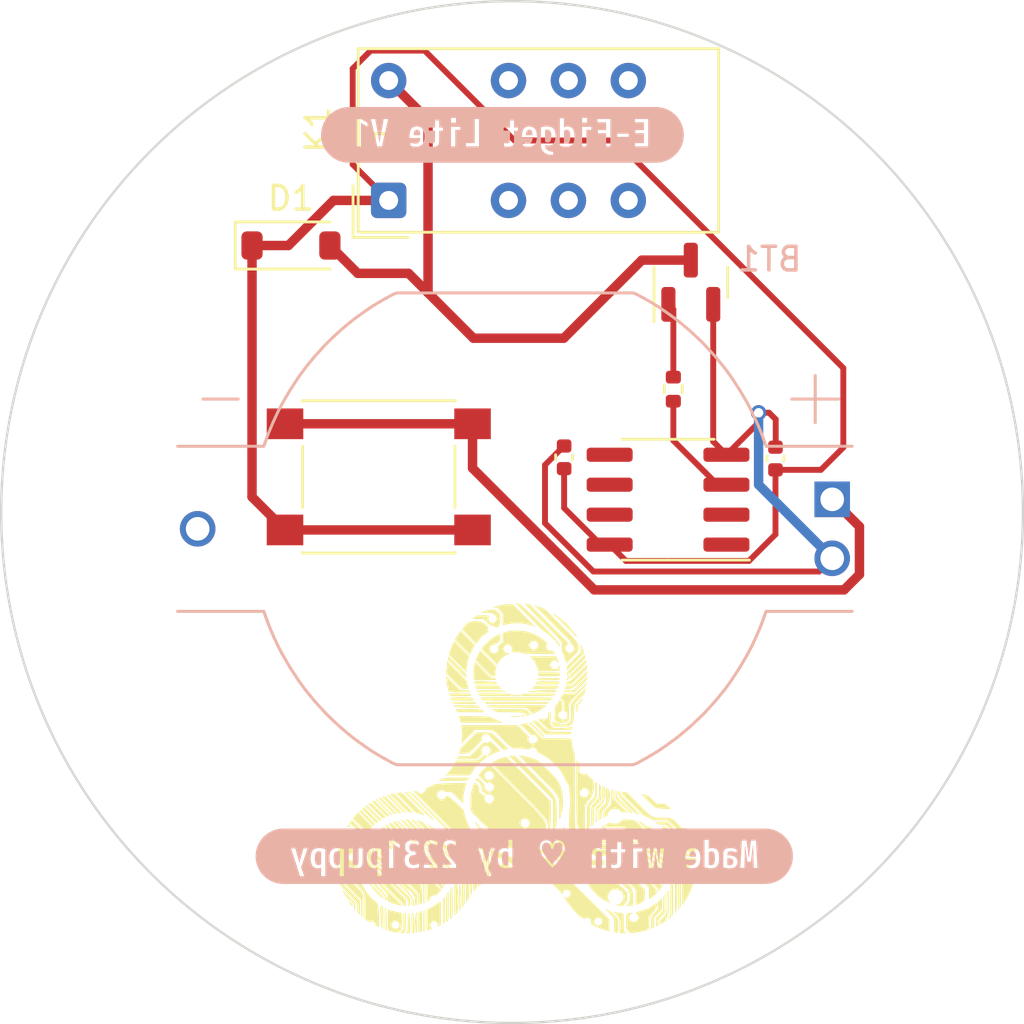
<source format=kicad_pcb>
(kicad_pcb (version 20221018) (generator pcbnew)
  (layers (0 "F.Cu" signal) (31 "B.Cu" signal) (34 "B.Paste" user) (35 "F.Paste" user) (36 "B.SilkS" user "B.Silkscreen") (37 "F.SilkS" user "F.Silkscreen") (38 "B.Mask" user) (39 "F.Mask" user) (44 "Edge.Cuts" user))
  (net 0 "")
  (net 1 "+3V3")
  (net 2 "GND")
  (net 3 "/RELAY_SIG")
  (net 15 "Net-(D1-A)")
  (net 16 "Net-(Q1-B)")
  (net 17 "Net-(BT1-+)")
  (footprint "Capacitor_SMD:C_0402_1005Metric" (layer "F.Cu") (at 137.81 78.76 90)
    (fp_text reference "C1" hide)
    (fp_text value "0.1u")
  )
  (footprint "Package_SO:SOIC-8_3.9x4.9mm_P1.27mm" (layer "F.Cu") (at 133.255 80.505 180)
    (fp_text reference "U1" hide)
    (fp_text value "ATtiny13A-SS")
  )
  (footprint "Button_Switch_SMD:SW_Push_1P1T_NO_6x6mm_H9.5mm" (layer "F.Cu") (at 120.993 79.538)
    (fp_text reference "SW1" hide)
    (fp_text value "TL3301NF100QG")
  )
  (footprint "Package_TO_SOT_SMD:SOT-23" (layer "F.Cu") (at 134.22 71.2875 90)
    (fp_text reference "Q1" hide)
    (fp_text value "MMBT3904")
  )
  (footprint "Diode_SMD:D_SOD-123" (layer "F.Cu") (at 117.27 69.73)
    (fp_text reference "D1")
    (fp_text value "D")
  )
  (footprint "Relay_THT:Relay_DPDT_Kemet_EC2" (layer "F.Cu") (at 121.412 67.818 90)
    (fp_text reference "K1")
    (fp_text value "EE2-3NU")
  )
  (footprint "Capacitor_SMD:C_0402_1005Metric" (layer "F.Cu") (at 128.85 78.71 90)
    (fp_text reference "C2" hide)
    (fp_text value "0.1u")
  )
  (footprint "Resistor_SMD:R_0402_1005Metric" (layer "F.Cu") (at 133.48 75.82 90)
    (fp_text reference "R1" hide)
    (fp_text value "150")
  )
  (footprint "kibuzzard-6472B22C" (layer "B.Cu") (at 126.235 65.04 180)
    (fp_text reference "kibuzzard-6472B22C" hide)
    (fp_text value "G***" hide)
  )
  (footprint "kibuzzard-6472B1FB" (layer "B.Cu") (at 127.16 95.62 180)
    (fp_text reference "kibuzzard-6472B1FB" hide)
    (fp_text value "G***" hide)
  )
  (footprint "footprints:BAT_BU2032-1-HD-G" (layer "B.Cu") (at 126.765 81.74 180)
    (fp_text reference "BT1")
    (fp_text value "BU2032")
  )
  (gr_poly (pts (xy 124.647106 88.887661) (xy 124.77034 88.89095) (xy 124.820469 88.893803) (xy 124.863608 88.897624) (xy 124.900259 88.902536) (xy 124.930923 88.908659) (xy 124.956101 88.916117) (xy 124.976295 88.925031) (xy 124.992007 88.935522) (xy 125.003738 88.947714) (xy 125.011989 88.961728) (xy 125.017261 88.977685) (xy 125.020057 88.995709) (xy 125.020878 89.01592) (xy 124.98062 89.018517) (xy 124.874426 89.020052) (xy 124.551706 89.020301) (xy 124.227673 89.017386) (xy 124.119839 89.014968) (xy 124.077284 89.01203) (xy 124.077285 89.012034) (xy 124.075314 89.009101) (xy 124.072781 89.004469) (xy 124.066409 88.991069) (xy 124.058931 88.973763) (xy 124.051107 88.954479) (xy 124.043697 88.935146) (xy 124.037462 88.917691) (xy 124.033164 88.904044) (xy 124.031978 88.89925) (xy 124.031562 88.896131) (xy 124.031743 88.895387) (xy 124.032319 88.894683) (xy 124.033344 88.894017) (xy 124.034867 88.893389) (xy 124.036941 88.892798) (xy 124.039618 88.892242) (xy 124.042949 88.89172) (xy 124.046986 88.891232) (xy 124.057383 88.890351) (xy 124.071223 88.889591) (xy 124.08892 88.888944) (xy 124.110886 88.8884) (xy 124.137534 88.887952) (xy 124.169279 88.887591) (xy 124.249707 88.887096) (xy 124.355478 88.886849) (xy 124.489896 88.886781)) (stroke (width 0.006341)) (fill solid) (layer "F.SilkS"))
  (gr_poly (pts (xy 127.920177 88.888337) (xy 128.369334 88.892074) (xy 128.369214 88.892775) (xy 128.368862 88.893782) (xy 128.367498 88.896661) (xy 128.36532 88.900597) (xy 128.362404 88.905475) (xy 128.354674 88.917605) (xy 128.344928 88.932143) (xy 128.333789 88.948179) (xy 128.321876 88.964803) (xy 128.309813 88.981107) (xy 128.298219 88.996179) (xy 128.167148 89.007163) (xy 127.837346 89.015524) (xy 126.846249 89.023799) (xy 125.85432 89.019849) (xy 125.52348 89.012929) (xy 125.390954 89.002519) (xy 125.390954 89.002524) (xy 125.387175 88.99825) (xy 125.382686 88.99284) (xy 125.372069 88.979305) (xy 125.360092 88.96331) (xy 125.347743 88.946241) (xy 125.33601 88.929487) (xy 125.325881 88.914435) (xy 125.318346 88.902475) (xy 125.31586 88.898088) (xy 125.314392 88.894993) (xy 125.315 88.89438) (xy 125.317388 88.893797) (xy 125.328011 88.892717) (xy 125.376156 88.890884) (xy 125.466868 88.889451) (xy 125.608184 88.888376) (xy 126.074789 88.887124) (xy 126.840288 88.886783)) (stroke (width 0.006341)) (fill solid) (layer "F.SilkS"))
  (gr_poly (pts (xy 129.404763 91.562934) (xy 129.421115 91.591563) (xy 129.443172 91.633145) (xy 129.466639 91.676043) (xy 129.488711 91.715204) (xy 129.506585 91.745574) (xy 129.519486 91.767189) (xy 129.524778 91.776516) (xy 129.529316 91.784924) (xy 129.533113 91.792463) (xy 129.536184 91.799184) (xy 129.53854 91.805138) (xy 129.540197 91.810375) (xy 129.541167 91.814946) (xy 129.541464 91.818901) (xy 129.541365 91.820664) (xy 129.541102 91.822292) (xy 129.540678 91.823792) (xy 129.540094 91.825169) (xy 129.539352 91.826431) (xy 129.538454 91.827583) (xy 129.537401 91.828632) (xy 129.536196 91.829584) (xy 129.533332 91.831223) (xy 129.529877 91.832551) (xy 129.528585 91.833004) (xy 129.527328 91.83353) (xy 129.526115 91.834122) (xy 129.524951 91.834775) (xy 129.523843 91.835482) (xy 129.522797 91.836236) (xy 129.52182 91.837032) (xy 129.520918 91.837862) (xy 129.520098 91.83872) (xy 129.519367 91.8396) (xy 129.51873 91.840496) (xy 129.518194 91.8414) (xy 129.517766 91.842308) (xy 129.517595 91.842761) (xy 129.517453 91.843211) (xy 129.517341 91.84366) (xy 129.51726 91.844105) (xy 129.517211 91.844546) (xy 129.517194 91.844982) (xy 129.517182 91.845417) (xy 129.517145 91.845857) (xy 129.517084 91.846299) (xy 129.517 91.846744) (xy 129.516893 91.847191) (xy 129.516765 91.847638) (xy 129.516444 91.848533) (xy 129.516042 91.849421) (xy 129.515564 91.850298) (xy 129.515015 91.851156) (xy 129.5144 91.85199) (xy 129.513724 91.852794) (xy 129.512992 91.85356) (xy 129.512207 91.854284) (xy 129.511377 91.854958) (xy 129.510504 91.855577) (xy 129.509595 91.856134) (xy 129.508653 91.856624) (xy 129.508172 91.856841) (xy 129.507685 91.85704) (xy 129.507086 91.857296) (xy 129.506507 91.857598) (xy 129.505948 91.857946) (xy 129.50541 91.85834) (xy 129.504892 91.858779) (xy 129.504393 91.859265) (xy 129.503915 91.859798) (xy 129.503457 91.860378) (xy 129.503018 91.861005) (xy 129.502599 91.86168) (xy 129.502199 91.862403) (xy 129.501819 91.863175) (xy 129.501459 91.863994) (xy 129.501118 91.864863) (xy 129.500795 91.865781) (xy 129.500493 91.866748) (xy 129.500209 91.867765) (xy 129.499944 91.868833) (xy 129.499698 91.86995) (xy 129.49947 91.871119) (xy 129.499262 91.872338) (xy 129.499072 91.873609) (xy 129.498747 91.876305) (xy 129.498496 91.87921) (xy 129.498317 91.882327) (xy 129.498211 91.885657) (xy 129.498175 91.889204) (xy 129.498141 91.893172) (xy 129.498032 91.896829) (xy 129.497844 91.900191) (xy 129.497571 91.903274) (xy 129.497206 91.906095) (xy 129.496745 91.90867) (xy 129.49618 91.911015) (xy 129.495507 91.913148) (xy 129.494718 91.915084) (xy 129.493809 91.916839) (xy 129.492774 91.918431) (xy 129.491606 91.919876) (xy 129.490299 91.921189) (xy 129.488849 91.922387) (xy 129.487248 91.923488) (xy 129.485492 91.924506) (xy 129.484597 91.925004) (xy 129.483742 91.925521) (xy 129.482926 91.926058) (xy 129.482147 91.926618) (xy 129.481406 91.927202) (xy 129.4807 91.927812) (xy 129.480031 91.928451) (xy 129.479396 91.929121) (xy 129.478796 91.929822) (xy 129.478229 91.930558) (xy 129.477695 91.93133) (xy 129.477193 91.932141) (xy 129.476723 91.932991) (xy 129.476283 91.933884) (xy 129.475873 91.93482) (xy 129.475493 91.935803) (xy 129.475141 91.936834) (xy 129.474817 91.937914) (xy 129.47452 91.939047) (xy 129.47425 91.940233) (xy 129.474005 91.941475) (xy 129.473785 91.942775) (xy 129.47359 91.944135) (xy 129.473418 91.945556) (xy 129.473269 91.947042) (xy 129.473142 91.948592) (xy 129.472952 91.951899) (xy 129.472842 91.955491) (xy 129.472807 91.959385) (xy 129.472842 91.963279) (xy 129.472952 91.966872) (xy 129.473142 91.970178) (xy 129.473417 91.973214) (xy 129.473784 91.975995) (xy 129.474248 91.978538) (xy 129.474815 91.980857) (xy 129.475491 91.982968) (xy 129.476281 91.984887) (xy 129.477191 91.98663) (xy 129.478227 91.988213) (xy 129.479394 91.98965) (xy 129.480699 91.990959) (xy 129.482146 91.992153) (xy 129.483742 91.99325) (xy 129.485492 91.994265) (xy 129.48639 91.994765) (xy 129.487249 91.995283) (xy 129.488069 91.995822) (xy 129.48885 91.996383) (xy 129.489594 91.996969) (xy 129.490302 91.997581) (xy 129.490973 91.998223) (xy 129.491608 91.998894) (xy 129.492209 91.999599) (xy 129.492776 92.000339) (xy 129.49331 92.001115) (xy 129.493812 92.001931) (xy 129.494282 92.002787) (xy 129.494721 92.003686) (xy 129.495129 92.004631) (xy 129.495509 92.005623) (xy 129.495859 92.006663) (xy 129.496182 92.007755) (xy 129.496477 92.008901) (xy 129.496746 92.010101) (xy 129.49699 92.011359) (xy 129.497208 92.012676) (xy 129.497402 92.014055) (xy 129.497572 92.015497) (xy 129.497719 92.017005) (xy 129.497845 92.018581) (xy 129.498032 92.021943) (xy 129.498141 92.025599) (xy 129.498175 92.029568) (xy 129.498211 92.033114) (xy 129.498318 92.036445) (xy 129.498496 92.039562) (xy 129.498747 92.042467) (xy 129.499072 92.045164) (xy 129.499471 92.047654) (xy 129.499944 92.049941) (xy 129.500493 92.052025) (xy 129.501118 92.053911) (xy 129.50182 92.055599) (xy 129.5026 92.057094) (xy 129.503457 92.058396) (xy 129.504394 92.059508) (xy 129.50541 92.060434) (xy 129.506507 92.061175) (xy 129.507685 92.061733) (xy 129.508172 92.061932) (xy 129.508654 92.062151) (xy 129.509128 92.06239) (xy 129.509595 92.062647) (xy 129.510054 92.062923) (xy 129.510505 92.063215) (xy 129.511377 92.063849) (xy 129.512208 92.064541) (xy 129.512992 92.065286) (xy 129.513725 92.066077) (xy 129.514401 92.066908) (xy 129.515016 92.067773) (xy 129.515564 92.068664) (xy 129.516042 92.069576) (xy 129.516253 92.070037) (xy 129.516444 92.070501) (xy 129.516615 92.070968) (xy 129.516765 92.071435) (xy 129.516893 92.071903) (xy 129.517 92.07237) (xy 129.517084 92.072836) (xy 129.517145 92.0733) (xy 129.517182 92.073761) (xy 129.517194 92.074218) (xy 129.517225 92.075118) (xy 129.517317 92.075993) (xy 129.517467 92.076837) (xy 129.517671 92.077648) (xy 129.517926 92.078419) (xy 129.51823 92.079148) (xy 129.518579 92.079828) (xy 129.518969 92.080455) (xy 129.519399 92.081026) (xy 129.519864 92.081536) (xy 129.520109 92.081766) (xy 129.520362 92.081979) (xy 129.520622 92.082174) (xy 129.52089 92.082352) (xy 129.521164 92.08251) (xy 129.521444 92.08265) (xy 129.52173 92.082769) (xy 129.522021 92.082868) (xy 129.522318 92.082946) (xy 129.522619 92.083002) (xy 129.522924 92.083037) (xy 129.523233 92.083048) (xy 129.523571 92.083077) (xy 129.52396 92.083163) (xy 129.524399 92.083305) (xy 129.524886 92.083501) (xy 129.525997 92.084051) (xy 129.527278 92.0848) (xy 129.528716 92.085738) (xy 129.530297 92.086853) (xy 129.532006 92.088134) (xy 129.533829 92.089569) (xy 129.535752 92.091147) (xy 129.537761 92.092857) (xy 129.539841 92.094688) (xy 129.54198 92.096627) (xy 129.544161 92.098664) (xy 129.546373 92.100787) (xy 129.548599 92.102984) (xy 129.550826 92.105245) (xy 129.554057 92.108514) (xy 129.5571 92.111459) (xy 129.559988 92.114097) (xy 129.562755 92.116443) (xy 129.565434 92.118512) (xy 129.568059 92.12032) (xy 129.570662 92.121882) (xy 129.571966 92.122576) (xy 129.573277 92.123214) (xy 129.5746 92.123798) (xy 129.575938 92.124331) (xy 129.577296 92.124814) (xy 129.578677 92.125249) (xy 129.581529 92.125983) (xy 129.584526 92.126549) (xy 129.587703 92.126962) (xy 129.591092 92.127238) (xy 129.594726 92.127393) (xy 129.598639 92.127441) (xy 129.602154 92.12748) (xy 129.605435 92.127601) (xy 129.608492 92.127809) (xy 129.611337 92.128106) (xy 129.61398 92.128496) (xy 129.616433 92.128985) (xy 129.618704 92.129575) (xy 129.620807 92.130271) (xy 129.622751 92.131077) (xy 129.624547 92.131996) (xy 129.626205 92.133033) (xy 129.627738 92.134192) (xy 129.629154 92.135476) (xy 129.630466 92.136891) (xy 129.631684 92.138438) (xy 129.632819 92.140124) (xy 129.634084 92.141836) (xy 129.635658 92.143435) (xy 129.637521 92.144921) (xy 129.639653 92.146294) (xy 129.642034 92.147555) (xy 129.644645 92.148704) (xy 129.647466 92.14974) (xy 129.650478 92.150664) (xy 129.656994 92.152176) (xy 129.664035 92.153241) (xy 129.671444 92.15386) (xy 129.679064 92.154033) (xy 129.686736 92.153763) (xy 129.694305 92.15305) (xy 129.701611 92.151894) (xy 129.708498 92.150298) (xy 129.714809 92.148262) (xy 129.717698 92.147079) (xy 129.720385 92.145786) (xy 129.722848 92.144385) (xy 129.725069 92.142874) (xy 129.727027 92.141253) (xy 129.728704 92.139524) (xy 129.730044 92.138036) (xy 129.731427 92.136651) (xy 129.732847 92.135373) (xy 129.734298 92.134204) (xy 129.735776 92.133145) (xy 129.737275 92.132199) (xy 129.738791 92.131367) (xy 129.740318 92.130653) (xy 129.741851 92.130059) (xy 129.743385 92.129585) (xy 129.744915 92.129236) (xy 129.746436 92.129013) (xy 129.747942 92.128917) (xy 129.748688 92.128919) (xy 129.749429 92.128953) (xy 129.750163 92.12902) (xy 129.750891 92.12912) (xy 129.751611 92.129254) (xy 129.752324 92.129423) (xy 129.753706 92.129728) (xy 129.755078 92.129922) (xy 129.756435 92.130006) (xy 129.757772 92.129982) (xy 129.759084 92.129854) (xy 129.760366 92.129622) (xy 129.761613 92.129289) (xy 129.76282 92.128858) (xy 129.763982 92.12833) (xy 129.765094 92.127708) (xy 129.766151 92.126993) (xy 129.767148 92.126188) (xy 129.768081 92.125296) (xy 129.768943 92.124317) (xy 129.769731 92.123255) (xy 129.770439 92.122112) (xy 129.770935 92.121363) (xy 129.771515 92.120756) (xy 129.771838 92.120508) (xy 129.772186 92.120299) (xy 129.772559 92.12013) (xy 129.772958 92.120001) (xy 129.773385 92.119913) (xy 129.773841 92.119868) (xy 129.774844 92.119909) (xy 129.775976 92.120131) (xy 129.777246 92.120542) (xy 129.778664 92.121149) (xy 129.780239 92.12196) (xy 129.781981 92.122983) (xy 129.783898 92.124225) (xy 129.786 92.125695) (xy 129.788296 92.1274) (xy 129.790797 92.129347) (xy 129.79351 92.131544) (xy 129.796445 92.133999) (xy 129.799612 92.136719) (xy 129.806678 92.142988) (xy 129.814782 92.15041) (xy 129.823998 92.159049) (xy 129.834401 92.168964) (xy 129.846066 92.180218) (xy 129.859067 92.192871) (xy 129.873478 92.206986) (xy 129.915831 92.247913) (xy 129.959326 92.288838) (xy 129.998852 92.325013) (xy 130.015529 92.339836) (xy 130.029296 92.351691) (xy 130.043232 92.365193) (xy 130.055838 92.381036) (xy 130.067133 92.399078) (xy 130.077136 92.419175) (xy 130.085865 92.441187) (xy 130.093341 92.464969) (xy 130.099583 92.490379) (xy 130.104608 92.517275) (xy 130.11109 92.574952) (xy 130.11294 92.636858) (xy 130.110311 92.701851) (xy 130.103356 92.768791) (xy 130.092229 92.836535) (xy 130.077083 92.903943) (xy 130.058071 92.969872) (xy 130.035346 93.033181) (xy 130.009062 93.092728) (xy 129.994634 93.120734) (xy 129.979373 93.147372) (xy 129.963298 93.172499) (xy 129.94643 93.195972) (xy 129.928787 93.217648) (xy 129.910388 93.237385) (xy 129.879131 93.268696) (xy 129.851776 93.296946) (xy 129.839481 93.310263) (xy 129.828063 93.323223) (xy 129.81749 93.335962) (xy 129.807731 93.348616) (xy 129.798752 93.361322) (xy 129.79052 93.374215) (xy 129.783004 93.387432) (xy 129.776171 93.401109) (xy 129.769988 93.415381) (xy 129.764422 93.430386) (xy 129.759442 93.446259) (xy 129.755015 93.463136) (xy 129.751108 93.481154) (xy 129.747689 93.500448) (xy 129.744725 93.521155) (xy 129.742183 93.54341) (xy 129.740032 93.567351) (xy 129.738238 93.593112) (xy 129.736769 93.620831) (xy 129.735594 93.650644) (xy 129.73399 93.717093) (xy 129.733166 93.793549) (xy 129.732819 93.980838) (xy 129.73313 94.308538) (xy 129.73531 94.478589) (xy 129.737684 94.521601) (xy 129.741226 94.545727) (xy 129.743508 94.552845) (xy 129.746169 94.557808) (xy 129.752746 94.564686) (xy 129.754651 94.566386) (xy 129.756413 94.56803) (xy 129.758028 94.569632) (xy 129.75949 94.571205) (xy 129.760793 94.572762) (xy 129.761934 94.574319) (xy 129.762907 94.575888) (xy 129.763707 94.577484) (xy 129.764328 94.57912) (xy 129.764766 94.580809) (xy 129.765016 94.582567) (xy 129.765072 94.584405) (xy 129.76493 94.586339) (xy 129.764585 94.588381) (xy 129.76403 94.590546) (xy 129.763262 94.592847) (xy 129.762275 94.595298) (xy 129.761064 94.597913) (xy 129.759625 94.600706) (xy 129.757951 94.60369) (xy 129.756038 94.606879) (xy 129.753881 94.610286) (xy 129.751475 94.613927) (xy 129.748814 94.617813) (xy 129.745894 94.62196) (xy 129.742709 94.62638) (xy 129.735526 94.636097) (xy 129.727225 94.647074) (xy 129.717763 94.659421) (xy 129.71679 94.660789) (xy 129.715949 94.662131) (xy 129.714492 94.664581) (xy 129.71379 94.665614) (xy 129.713047 94.666468) (xy 129.712646 94.666816) (xy 129.71222 94.667105) (xy 129.711761 94.66733) (xy 129.711266 94.667487) (xy 129.710728 94.667571) (xy 129.710142 94.667577) (xy 129.709502 94.6675) (xy 129.708804 94.667336) (xy 129.708042 94.66708) (xy 129.70721 94.666726) (xy 129.705315 94.665711) (xy 129.703078 94.664251) (xy 129.700454 94.662308) (xy 129.6974 94.659846) (xy 129.693873 94.656825) (xy 129.689829 94.653209) (xy 129.685227 94.648958) (xy 129.680021 94.644036) (xy 129.674169 94.638404) (xy 129.660354 94.624858) (xy 129.643436 94.608019) (xy 129.598906 94.563243) (xy 129.537809 94.501649) (xy 129.537806 94.501631) (xy 129.508502 94.471769) (xy 129.495238 94.457585) (xy 129.482857 94.443513) (xy 129.47133 94.429261) (xy 129.460627 94.414539) (xy 129.450716 94.399057) (xy 129.441567 94.382524) (xy 129.43315 94.364649) (xy 129.425434 94.345143) (xy 129.418389 94.323714) (xy 129.411984 94.300072) (xy 129.40619 94.273927) (xy 129.400975 94.244988) (xy 129.396309 94.212965) (xy 129.392161 94.177567) (xy 129.388502 94.138504) (xy 129.3853 94.095485) (xy 129.382526 94.04822) (xy 129.380148 93.996418) (xy 129.378136 93.939789) (xy 129.376461 93.878042) (xy 129.375091 93.810887) (xy 129.373995 93.738034) (xy 129.372508 93.574069) (xy 129.371755 93.383823) (xy 129.371506 92.964934) (xy 129.51323 92.964934) (xy 129.513772 92.973185) (xy 129.515023 92.98072) (xy 129.517015 92.987461) (xy 129.519781 92.993328) (xy 129.523353 92.998244) (xy 129.527763 93.00213) (xy 129.533043 93.004907) (xy 129.533531 93.005113) (xy 129.534013 93.005354) (xy 129.534489 93.005629) (xy 129.534958 93.005936) (xy 129.535419 93.006275) (xy 129.535872 93.006644) (xy 129.536317 93.007041) (xy 129.536752 93.007467) (xy 129.537177 93.007919) (xy 129.537591 93.008397) (xy 129.537994 93.0089) (xy 129.538385 93.009425) (xy 129.538764 93.009973) (xy 129.539129 93.010541) (xy 129.539481 93.01113) (xy 129.539818 93.011736) (xy 129.540141 93.012361) (xy 129.540448 93.013001) (xy 129.540738 93.013657) (xy 129.541012 93.014326) (xy 129.541268 93.015009) (xy 129.541506 93.015703) (xy 129.541725 93.016407) (xy 129.541925 93.017121) (xy 129.542105 93.017842) (xy 129.542265 93.018571) (xy 129.542403 93.019306) (xy 129.542519 93.020045) (xy 129.542613 93.020788) (xy 129.542684 93.021533) (xy 129.542731 93.022279) (xy 129.542754 93.023025) (xy 129.542847 93.024505) (xy 129.543084 93.026086) (xy 129.543457 93.027759) (xy 129.543959 93.029513) (xy 129.545319 93.033228) (xy 129.547107 93.037153) (xy 129.549262 93.041211) (xy 129.551725 93.045324) (xy 129.554438 93.049414) (xy 129.557341 93.053404) (xy 129.560374 93.057215) (xy 129.563479 93.060771) (xy 129.566597 93.063992) (xy 129.569668 93.066802) (xy 129.572632 93.069123) (xy 129.574057 93.070076) (xy 129.575432 93.070877) (xy 129.576752 93.071517) (xy 129.578008 93.071987) (xy 129.579193 93.072275) (xy 129.5803 93.072374) (xy 129.580641 93.072386) (xy 129.580978 93.072423) (xy 129.58131 93.072484) (xy 129.581637 93.072568) (xy 129.581958 93.072675) (xy 129.582273 93.072803) (xy 129.582581 93.072953) (xy 129.582883 93.073124) (xy 129.583178 93.073315) (xy 129.583464 93.073526) (xy 129.583743 93.073756) (xy 129.584012 93.074004) (xy 129.584273 93.07427) (xy 129.584525 93.074553) (xy 129.584766 93.074852) (xy 129.584997 93.075168) (xy 129.585218 93.075498) (xy 129.585427 93.075844) (xy 129.585625 93.076203) (xy 129.585811 93.076576) (xy 129.585984 93.076962) (xy 129.586145 93.07736) (xy 129.586292 93.07777) (xy 129.586425 93.078191) (xy 129.586545 93.078623) (xy 129.58665 93.079064) (xy 129.586739 93.079514) (xy 129.586814 93.079973) (xy 129.586873 93.08044) (xy 129.586915 93.080915) (xy 129.586941 93.081396) (xy 129.58695 93.081883) (xy 129.586968 93.082468) (xy 129.587024 93.083035) (xy 129.587117 93.083583) (xy 129.587247 93.084112) (xy 129.587414 93.084623) (xy 129.587618 93.085115) (xy 129.587859 93.085589) (xy 129.588138 93.086044) (xy 129.588453 93.08648) (xy 129.588806 93.086898) (xy 129.589195 93.087297) (xy 129.589622 93.087678) (xy 129.590085 93.08804) (xy 129.590586 93.088384) (xy 129.591124 93.088709) (xy 129.591698 93.089015) (xy 129.59231 93.089303) (xy 129.592959 93.089572) (xy 129.593645 93.089823) (xy 129.594367 93.090055) (xy 129.595127 93.090269) (xy 129.595924 93.090464) (xy 129.596757 93.09064) (xy 129.597628 93.090798) (xy 129.598535 93.090937) (xy 129.59948 93.091058) (xy 129.600461 93.09116) (xy 129.601479 93.091244) (xy 129.602534 93.091309) (xy 129.603626 93.091355) (xy 129.604755 93.091383) (xy 129.605921 93.091392) (xy 129.608162 93.091446) (xy 129.610344 93.091605) (xy 129.612464 93.091869) (xy 129.614518 93.092236) (xy 129.616503 93.092704) (xy 129.618416 93.093272) (xy 129.620253 93.093937) (xy 129.622011 93.094699) (xy 129.623686 93.095556) (xy 129.625275 93.096506) (xy 129.626775 93.097548) (xy 129.628182 93.09868) (xy 129.629493 93.099901) (xy 129.630704 93.101208) (xy 129.631812 93.102601) (xy 129.632814 93.104077) (xy 129.634103 93.105562) (xy 129.636036 93.106972) (xy 129.63857 93.108305) (xy 129.641658 93.10956) (xy 129.64932 93.11183) (xy 129.658663 93.113774) (xy 129.669327 93.11538) (xy 129.680951 93.116639) (xy 129.693175 93.117541) (xy 129.705641 93.118075) (xy 129.717988 93.118233) (xy 129.729857 93.118003) (xy 129.740887 93.117375) (xy 129.750718 93.116341) (xy 129.758991 93.114888) (xy 129.765346 93.113009) (xy 129.767691 93.111905) (xy 129.769423 93.110691) (xy 129.770494 93.109366) (xy 129.770861 93.107927) (xy 129.770866 93.107928) (xy 129.770905 93.107025) (xy 129.77102 93.106139) (xy 129.771211 93.105272) (xy 129.771476 93.104424) (xy 129.771814 93.103596) (xy 129.772223 93.102789) (xy 129.772701 93.102004) (xy 129.773248 93.10124) (xy 129.773862 93.100499) (xy 129.774542 93.099782) (xy 129.775286 93.099089) (xy 129.776093 93.098421) (xy 129.776961 93.097779) (xy 129.77789 93.097163) (xy 129.778877 93.096574) (xy 129.779921 93.096013) (xy 129.781021 93.09548) (xy 129.782176 93.094977) (xy 129.783384 93.094504) (xy 129.784644 93.094061) (xy 129.785954 93.093649) (xy 129.787313 93.09327) (xy 129.78872 93.092923) (xy 129.790173 93.09261) (xy 129.791671 93.092331) (xy 129.793212 93.092087) (xy 129.794795 93.091879) (xy 129.796419 93.091707) (xy 129.798082 93.091572) (xy 129.799783 93.091474) (xy 129.80152 93.091415) (xy 129.803293 93.091395) (xy 129.804571 93.091346) (xy 129.80585 93.091201) (xy 129.807123 93.090966) (xy 129.808381 93.090645) (xy 129.809615 93.090243) (xy 129.810818 93.089765) (xy 129.811982 93.089217) (xy 129.813097 93.088602) (xy 129.814156 93.087926) (xy 129.815151 93.087193) (xy 129.816073 93.086409) (xy 129.816915 93.085578) (xy 129.817667 93.084706) (xy 129.818322 93.083796) (xy 129.818872 93.082855) (xy 129.819105 93.082374) (xy 129.819308 93.081886) (xy 129.819507 93.081399) (xy 129.819726 93.080917) (xy 129.819965 93.080443) (xy 129.820222 93.079976) (xy 129.820497 93.079517) (xy 129.82079 93.079066) (xy 129.821423 93.078194) (xy 129.822114 93.077363) (xy 129.822859 93.076579) (xy 129.823649 93.075846) (xy 129.82448 93.07517) (xy 129.825344 93.074555) (xy 129.826235 93.074006) (xy 129.827146 93.073529) (xy 129.827608 93.073318) (xy 129.828073 93.073127) (xy 129.828539 93.072956) (xy 129.829007 93.072806) (xy 129.829475 93.072678) (xy 129.829942 93.072571) (xy 129.830409 93.072487) (xy 129.830873 93.072426) (xy 129.831335 93.072389) (xy 129.831793 93.072377) (xy 129.832246 93.072367) (xy 129.832693 93.072339) (xy 129.833134 93.072293) (xy 129.833568 93.072229) (xy 129.833994 93.072148) (xy 129.834412 93.072051) (xy 129.834822 93.071937) (xy 129.835223 93.071807) (xy 129.835994 93.071502) (xy 129.836723 93.071139) (xy 129.837069 93.070937) (xy 129.837403 93.070722) (xy 129.837723 93.070494) (xy 129.83803 93.070254) (xy 129.838323 93.070003) (xy 129.838601 93.06974) (xy 129.838864 93.069467) (xy 129.839111 93.069184) (xy 129.839341 93.06889) (xy 129.839554 93.068587) (xy 129.839749 93.068276) (xy 129.839927 93.067956) (xy 129.840085 93.067628) (xy 129.840225 93.067292) (xy 129.840344 93.06695) (xy 129.840443 93.0666) (xy 129.840521 93.066245) (xy 129.840577 93.065884) (xy 129.840612 93.065518) (xy 129.840623 93.065147) (xy 129.840638 93.064767) (xy 129.84068 93.06437) (xy 129.840751 93.063958) (xy 129.840849 93.063532) (xy 129.841122 93.062641) (xy 129.841495 93.061705) (xy 129.841961 93.060733) (xy 129.842516 93.059731) (xy 129.843154 93.058707) (xy 129.843868 93.057671) (xy 129.844654 93.056628) (xy 129.845506 93.055588) (xy 129.846417 93.054559) (xy 129.847383 93.053547) (xy 129.848397 93.052561) (xy 129.849455 93.051609) (xy 129.85055 93.050699) (xy 129.851677 93.049838) (xy 129.852806 93.048972) (xy 129.853911 93.048043) (xy 129.854985 93.047061) (xy 129.856021 93.046034) (xy 129.857015 93.04497) (xy 129.85796 93.043878) (xy 129.85885 93.042766) (xy 129.859679 93.041643) (xy 129.860441 93.040518) (xy 129.861129 93.039399) (xy 129.861739 93.038294) (xy 129.862264 93.037212) (xy 129.862698 93.036162) (xy 129.863035 93.035151) (xy 129.863269 93.034189) (xy 129.863345 93.033729) (xy 129.863394 93.033284) (xy 129.865023 93.013714) (xy 129.865083 93.013146) (xy 129.865166 93.012585) (xy 129.865273 93.012031) (xy 129.865403 93.011486) (xy 129.865555 93.010951) (xy 129.865728 93.010425) (xy 129.865922 93.00991) (xy 129.866137 93.009407) (xy 129.86637 93.008916) (xy 129.866623 93.008437) (xy 129.866893 93.007973) (xy 129.86718 93.007522) (xy 129.867805 93.006667) (xy 129.86814 93.006264) (xy 129.86849 93.005878) (xy 129.868854 93.00551) (xy 129.86923 93.00516) (xy 129.86962 93.00483) (xy 129.870021 93.00452) (xy 129.870433 93.00423) (xy 129.870856 93.003962) (xy 129.871288 93.003716) (xy 129.871729 93.003493) (xy 129.872179 93.003293) (xy 129.872636 93.003118) (xy 129.873101 93.002968) (xy 129.873571 93.002843) (xy 129.874047 93.002745) (xy 129.874528 93.002674) (xy 129.875013 93.002631) (xy 129.875502 93.002617) (xy 129.877601 93.002185) (xy 129.879502 93.000924) (xy 129.881209 92.998884) (xy 129.882726 92.996115) (xy 129.884055 92.992669) (xy 129.885202 92.988596) (xy 129.88696 92.978772) (xy 129.88803 92.967048) (xy 129.888441 92.95383) (xy 129.888223 92.939523) (xy 129.887405 92.924532) (xy 129.886017 92.909263) (xy 129.884088 92.89412) (xy 129.881649 92.87951) (xy 129.878727 92.865837) (xy 129.875354 92.853507) (xy 129.871559 92.842925) (xy 129.869512 92.838417) (xy 129.86737 92.834497) (xy 129.865138 92.831217) (xy 129.862819 92.828628) (xy 129.860189 92.82608) (xy 129.857718 92.823546) (xy 129.855407 92.821028) (xy 129.853257 92.818529) (xy 129.851271 92.816053) (xy 129.849449 92.8136) (xy 129.847793 92.811175) (xy 129.846304 92.808779) (xy 129.844985 92.806416) (xy 129.843837 92.804088) (xy 129.842861 92.801798) (xy 129.842059 92.799547) (xy 129.841432 92.79734) (xy 129.840983 92.795178) (xy 129.840712 92.793065) (xy 129.840622 92.791003) (xy 129.840587 92.788466) (xy 129.840473 92.786192) (xy 129.840264 92.784168) (xy 129.84012 92.783246) (xy 129.839945 92.78238) (xy 129.83974 92.78157) (xy 129.839501 92.780814) (xy 129.839227 92.78011) (xy 129.838915 92.779456) (xy 129.838565 92.778851) (xy 129.838173 92.778293) (xy 129.837739 92.77778) (xy 129.837259 92.777311) (xy 129.836733 92.776883) (xy 129.836158 92.776495) (xy 129.835532 92.776146) (xy 129.834854 92.775833) (xy 129.834121 92.775555) (xy 129.833332 92.775311) (xy 129.832484 92.775098) (xy 129.831577 92.774914) (xy 129.830606 92.774759) (xy 129.829572 92.77463) (xy 129.827303 92.774443) (xy 129.824755 92.774342) (xy 129.821911 92.774311) (xy 129.819979 92.774266) (xy 129.818049 92.774135) (xy 129.816134 92.773922) (xy 129.814246 92.773631) (xy 129.812397 92.773266) (xy 129.8106 92.772833) (xy 129.808866 92.772336) (xy 129.807207 92.771778) (xy 129.805637 92.771165) (xy 129.804166 92.770501) (xy 129.802808 92.769791) (xy 129.801575 92.769038) (xy 129.800478 92.768247) (xy 129.79953 92.767422) (xy 129.798743 92.766569) (xy 129.798129 92.765691) (xy 129.797828 92.765245) (xy 129.797451 92.764796) (xy 129.796999 92.764344) (xy 129.796476 92.763891) (xy 129.795882 92.763437) (xy 129.795222 92.762983) (xy 129.793707 92.762077) (xy 129.791951 92.761181) (xy 129.789972 92.7603) (xy 129.787787 92.75944) (xy 129.785417 92.758608) (xy 129.782879 92.757809) (xy 129.780192 92.75705) (xy 129.777374 92.756337) (xy 129.774445 92.755677) (xy 129.771421 92.755074) (xy 129.768323 92.754536) (xy 129.765169 92.754069) (xy 129.761976 92.753678) (xy 129.758442 92.75325) (xy 129.755035 92.752752) (xy 129.751764 92.752187) (xy 129.748635 92.751557) (xy 129.745658 92.750867) (xy 129.74284 92.750119) (xy 129.74019 92.749315) (xy 129.737715 92.748459) (xy 129.735423 92.747555) (xy 129.733323 92.746604) (xy 129.731423 92.74561) (xy 129.72973 92.744576) (xy 129.728253 92.743505) (xy 129.726999 92.7424) (xy 129.725978 92.741263) (xy 129.725196 92.740099) (xy 129.724446 92.73894) (xy 129.723538 92.737849) (xy 129.722485 92.736827) (xy 129.721299 92.735873) (xy 129.719991 92.734988) (xy 129.718573 92.734174) (xy 129.717057 92.733429) (xy 129.715455 92.732754) (xy 129.713778 92.73215) (xy 129.71204 92.731618) (xy 129.708424 92.730767) (xy 129.704701 92.730207) (xy 129.700966 92.729938) (xy 129.697315 92.729965) (xy 129.693842 92.730291) (xy 129.692202 92.730566) (xy 129.690643 92.730918) (xy 129.689175 92.731346) (xy 129.687812 92.73185) (xy 129.686565 92.732431) (xy 129.685445 92.73309) (xy 129.684465 92.733827) (xy 129.683637 92.734641) (xy 129.682972 92.735535) (xy 129.682482 92.736507) (xy 129.682179 92.737558) (xy 129.682076 92.738689) (xy 129.682021 92.739585) (xy 129.681858 92.740463) (xy 129.681588 92.741323) (xy 129.681213 92.742164) (xy 129.680735 92.742984) (xy 129.680156 92.743785) (xy 129.679478 92.744564) (xy 129.678703 92.745321) (xy 129.677833 92.746055) (xy 129.676868 92.746767) (xy 129.675813 92.747455) (xy 129.674667 92.748118) (xy 129.673434 92.748756) (xy 129.672114 92.749368) (xy 129.670711 92.749953) (xy 129.669225 92.750512) (xy 129.667659 92.751042) (xy 129.666014 92.751544) (xy 129.664292 92.752017) (xy 129.662496 92.752459) (xy 129.660627 92.752872) (xy 129.658687 92.753253) (xy 129.656677 92.753602) (xy 129.654601 92.753918) (xy 129.652459 92.754201) (xy 129.650253 92.754451) (xy 129.647986 92.754665) (xy 129.645659 92.754845) (xy 129.643275 92.754988) (xy 129.640834 92.755095) (xy 129.638339 92.755165) (xy 129.635791 92.755196) (xy 129.629088 92.755873) (xy 129.622288 92.757793) (xy 129.615423 92.760878) (xy 129.608525 92.765051) (xy 129.601627 92.770232) (xy 129.59476 92.776344) (xy 129.587957 92.783308) (xy 129.581251 92.791044) (xy 129.574673 92.799476) (xy 129.568257 92.808525) (xy 129.556034 92.828159) (xy 129.544842 92.849318) (xy 129.534938 92.871375) (xy 129.52658 92.893704) (xy 129.520027 92.915677) (xy 129.517507 92.926333) (xy 129.515536 92.936666) (xy 129.514144 92.946596) (xy 129.513365 92.956044) (xy 129.51323 92.964934) (xy 129.371506 92.964934) (xy 129.371476 92.915195) (xy 129.372309 92.09646) (xy 129.374165 91.847828) (xy 129.377757 91.685671) (xy 129.383666 91.594477) (xy 129.387671 91.570644) (xy 129.392474 91.558735) (xy 129.398147 91.556811)) (stroke (width 0.006341)) (fill solid) (layer "F.SilkS"))
  (gr_poly (pts (xy 124.097791 96.929524) (xy 124.099037 96.929907) (xy 124.100231 96.93067) (xy 124.101373 96.931827) (xy 124.102464 96.93339) (xy 124.103505 96.935373) (xy 124.104499 96.937787) (xy 124.106346 96.943965) (xy 124.108016 96.952026) (xy 124.109518 96.962075) (xy 124.110862 96.974214) (xy 124.112058 96.988546) (xy 124.113116 97.005176) (xy 124.114045 97.024206) (xy 124.114857 97.045739) (xy 124.116164 97.096728) (xy 124.117117 97.158971) (xy 124.117795 97.233292) (xy 124.118278 97.320519) (xy 124.118972 97.536994) (xy 124.120031 97.95109) (xy 124.118445 98.071948) (xy 124.113869 98.15016) (xy 124.110088 98.176746) (xy 124.105115 98.196837) (xy 124.098802 98.211822) (xy 124.090999 98.22309) (xy 124.081559 98.23203) (xy 124.070334 98.24003) (xy 124.041933 98.258768) (xy 124.039263 98.260657) (xy 124.036759 98.262317) (xy 124.035568 98.263027) (xy 124.034417 98.263638) (xy 124.033305 98.264139) (xy 124.032231 98.264515) (xy 124.031195 98.264753) (xy 124.030195 98.264839) (xy 124.029232 98.264761) (xy 124.028305 98.264504) (xy 124.027413 98.264055) (xy 124.026555 98.263401) (xy 124.025731 98.262528) (xy 124.024939 98.261424) (xy 124.02418 98.260074) (xy 124.023453 98.258465) (xy 124.022756 98.256584) (xy 124.02209 98.254417) (xy 124.021454 98.251951) (xy 124.020846 98.249173) (xy 124.020267 98.246068) (xy 124.019715 98.242625) (xy 124.01919 98.238828) (xy 124.018691 98.234666) (xy 124.018218 98.230123) (xy 124.01777 98.225188) (xy 124.016946 98.214085) (xy 124.016213 98.201248) (xy 124.015566 98.186571) (xy 124.015 98.169947) (xy 124.014509 98.151267) (xy 124.014088 98.130425) (xy 124.013732 98.107313) (xy 124.013435 98.081824) (xy 124.013192 98.053851) (xy 124.012997 98.023285) (xy 124.012732 97.95395) (xy 124.012596 97.87296) (xy 124.012538 97.672581) (xy 124.012537 97.672581) (xy 124.013355 97.320105) (xy 124.015296 97.208758) (xy 124.019077 97.129741) (xy 124.021849 97.099794) (xy 124.025311 97.074855) (xy 124.029539 97.053899) (xy 124.03461 97.035902) (xy 124.040601 97.019839) (xy 124.047588 97.004684) (xy 124.064858 96.973003) (xy 124.074068 96.956902) (xy 124.078238 96.949921) (xy 124.082131 96.943791) (xy 124.085757 96.938616) (xy 124.089126 96.934498) (xy 124.092248 96.931542) (xy 124.09372 96.930531) (xy 124.095133 96.929849) (xy 124.09649 96.92951)) (stroke (width 0.006341)) (fill solid) (layer "F.SilkS"))
  (gr_poly (pts (xy 124.553171 95.039767) (xy 124.67551 95.040744) (xy 124.725806 95.04194) (xy 124.76998 95.044015) (xy 124.808878 95.047278) (xy 124.843344 95.052036) (xy 124.874224 95.058594) (xy 124.902364 95.067261) (xy 124.928609 95.078344) (xy 124.953805 95.092149) (xy 124.978795 95.108983) (xy 125.004427 95.129153) (xy 125.031545 95.152967) (xy 125.060995 95.180731) (xy 125.130272 95.249338) (xy 125.166831 95.286086) (xy 125.198826 95.31925) (xy 125.213208 95.33489) (xy 125.226563 95.350116) (xy 125.238929 95.36509) (xy 125.250344 95.379972) (xy 125.260846 95.394923) (xy 125.270474 95.410104) (xy 125.279265 95.425676) (xy 125.287258 95.441799) (xy 125.29449 95.458635) (xy 125.300999 95.476344) (xy 125.306824 95.495087) (xy 125.312003 95.515025) (xy 125.316573 95.53632) (xy 125.320572 95.559131) (xy 125.324039 95.583619) (xy 125.327012 95.609946) (xy 125.329528 95.638272) (xy 125.331626 95.668759) (xy 125.333344 95.701566) (xy 125.334719 95.736855) (xy 125.336595 95.815523) (xy 125.337559 95.906048) (xy 125.337964 96.127819) (xy 125.337208 96.516177) (xy 125.335411 96.636898) (xy 125.331912 96.719767) (xy 125.326144 96.773126) (xy 125.322232 96.791345) (xy 125.317539 96.805314) (xy 125.311995 96.816076) (xy 125.30553 96.824673) (xy 125.289549 96.839542) (xy 125.273979 96.853059) (xy 125.260588 96.865004) (xy 125.249213 96.875013) (xy 125.244231 96.879176) (xy 125.239692 96.882719) (xy 125.235577 96.885594) (xy 125.231864 96.887757) (xy 125.228534 96.889161) (xy 125.225566 96.889761) (xy 125.224212 96.889746) (xy 125.22294 96.889512) (xy 125.221749 96.889054) (xy 125.220637 96.888367) (xy 125.219599 96.887445) (xy 125.218634 96.886281) (xy 125.216914 96.883209) (xy 125.215454 96.879103) (xy 125.214235 96.87392) (xy 125.213237 96.867612) (xy 125.212439 96.860136) (xy 125.211822 96.851443) (xy 125.211364 96.84149) (xy 125.210848 96.817618) (xy 125.210728 96.788154) (xy 125.210843 96.752733) (xy 125.211129 96.662554) (xy 125.21113 96.662554) (xy 125.209987 96.620765) (xy 125.206651 96.57949) (xy 125.201263 96.539031) (xy 125.193961 96.499689) (xy 125.184885 96.461764) (xy 125.174174 96.425559) (xy 125.161969 96.391373) (xy 125.148409 96.359507) (xy 125.133633 96.330264) (xy 125.117781 96.303943) (xy 125.100992 96.280845) (xy 125.083406 96.261272) (xy 125.065163 96.245525) (xy 125.055839 96.23918) (xy 125.046402 96.233905) (xy 125.036871 96.229736) (xy 125.027263 96.226711) (xy 125.017595 96.224869) (xy 125.007885 96.224247) (xy 125.007576 96.224239) (xy 125.00727 96.224215) (xy 125.006969 96.224175) (xy 125.006673 96.22412) (xy 125.006382 96.22405) (xy 125.006096 96.223966) (xy 125.005816 96.223868) (xy 125.005543 96.223756) (xy 125.005275 96.223631) (xy 125.005015 96.223493) (xy 125.004763 96.223342) (xy 125.004518 96.22318) (xy 125.004281 96.223006) (xy 125.004053 96.222821) (xy 125.003834 96.222625) (xy 125.003624 96.222418) (xy 125.003424 96.222201) (xy 125.003234 96.221975) (xy 125.003054 96.22174) (xy 125.002886 96.221495) (xy 125.002728 96.221243) (xy 125.002583 96.220982) (xy 125.002449 96.220713) (xy 125.002328 96.220437) (xy 125.002219 96.220155) (xy 125.002124 96.219865) (xy 125.002043 96.21957) (xy 125.001975 96.219269) (xy 125.001922 96.218963) (xy 125.001883 96.218652) (xy 125.00186 96.218336) (xy 125.001852 96.218017) (xy 125.000107 96.215638) (xy 124.994988 96.209904) (xy 124.975317 96.189076) (xy 124.903067 96.114887) (xy 124.796138 96.006681) (xy 124.665564 95.875691) (xy 124.554521 95.764564) (xy 124.470812 95.679873) (xy 124.410244 95.616544) (xy 124.387328 95.591304) (xy 124.368624 95.569503) (xy 124.35361 95.550505) (xy 124.34176 95.533677) (xy 124.33255 95.518384) (xy 124.325457 95.503992) (xy 124.319957 95.489867) (xy 124.315524 95.475375) (xy 124.309176 95.448675) (xy 124.63403 95.448675) (xy 124.63414 95.4599) (xy 124.634292 95.464707) (xy 124.634521 95.469021) (xy 124.634837 95.472878) (xy 124.635249 95.476312) (xy 124.635766 95.479357) (xy 124.636397 95.482048) (xy 124.637153 95.484418) (xy 124.638043 95.486503) (xy 124.639076 95.488337) (xy 124.640261 95.489954) (xy 124.641608 95.491388) (xy 124.643126 95.492673) (xy 124.644825 95.493845) (xy 124.646714 95.494937) (xy 124.647481 95.495367) (xy 124.648225 95.495822) (xy 124.648946 95.496303) (xy 124.649643 95.496809) (xy 124.650317 95.49734) (xy 124.650968 95.497896) (xy 124.651596 95.498476) (xy 124.652199 95.499081) (xy 124.652779 95.499711) (xy 124.653336 95.500364) (xy 124.653868 95.501042) (xy 124.654377 95.501743) (xy 124.654861 95.502468) (xy 124.655322 95.503217) (xy 124.655758 95.503989) (xy 124.65617 95.504784) (xy 124.656558 95.505603) (xy 124.656921 95.506444) (xy 124.65726 95.507307) (xy 124.657574 95.508194) (xy 124.657864 95.509102) (xy 124.658129 95.510033) (xy 124.658369 95.510986) (xy 124.658584 95.511961) (xy 124.658774 95.512958) (xy 124.658939 95.513976) (xy 124.659079 95.515015) (xy 124.659193 95.516076) (xy 124.659282 95.517158) (xy 124.659346 95.51826) (xy 124.659398 95.520528) (xy 124.659435 95.522796) (xy 124.659547 95.52492) (xy 124.659734 95.526899) (xy 124.659996 95.528733) (xy 124.660332 95.530422) (xy 124.660742 95.531964) (xy 124.661226 95.533361) (xy 124.661785 95.534612) (xy 124.662418 95.535716) (xy 124.663125 95.536674) (xy 124.663506 95.537098) (xy 124.663905 95.537485) (xy 124.664323 95.537835) (xy 124.664759 95.538149) (xy 124.665214 95.538426) (xy 124.665687 95.538666) (xy 124.666178 95.538869) (xy 124.666688 95.539035) (xy 124.667216 95.539164) (xy 124.667763 95.539257) (xy 124.668328 95.539312) (xy 124.668911 95.539331) (xy 124.669399 95.539348) (xy 124.669884 95.539397) (xy 124.670364 95.539478) (xy 124.670838 95.53959) (xy 124.671306 95.539732) (xy 124.671767 95.539904) (xy 124.672221 95.540104) (xy 124.672667 95.540332) (xy 124.673104 95.540587) (xy 124.673531 95.540868) (xy 124.673949 95.541174) (xy 124.674355 95.541505) (xy 124.674751 95.54186) (xy 124.675134 95.542237) (xy 124.675504 95.542637) (xy 124.675862 95.543058) (xy 124.676205 95.543499) (xy 124.676533 95.543959) (xy 124.676846 95.544439) (xy 124.677143 95.544937) (xy 124.677423 95.545451) (xy 124.677686 95.545982) (xy 124.677931 95.546529) (xy 124.678157 95.54709) (xy 124.678364 95.547666) (xy 124.678551 95.548254) (xy 124.678717 95.548855) (xy 124.678862 95.549467) (xy 124.678985 95.55009) (xy 124.679086 95.550722) (xy 124.679163 95.551364) (xy 124.679216 95.552014) (xy 124.679588 95.557566) (xy 124.68001 95.563302) (xy 124.680431 95.568547) (xy 124.6808 95.572626) (xy 124.680868 95.573034) (xy 124.680987 95.573443) (xy 124.681157 95.573851) (xy 124.681375 95.574258) (xy 124.681641 95.574663) (xy 124.681954 95.575065) (xy 124.682311 95.575463) (xy 124.682712 95.575858) (xy 124.683155 95.576249) (xy 124.683639 95.576634) (xy 124.684163 95.577013) (xy 124.684724 95.577386) (xy 124.685323 95.577752) (xy 124.685957 95.57811) (xy 124.686625 95.57846) (xy 124.687326 95.578801) (xy 124.688058 95.579132) (xy 124.688821 95.579453) (xy 124.689612 95.579763) (xy 124.69043 95.580062) (xy 124.692144 95.580622) (xy 124.693951 95.581128) (xy 124.695841 95.581576) (xy 124.697802 95.58196) (xy 124.699825 95.582275) (xy 124.700855 95.582405) (xy 124.701897 95.582516) (xy 124.704283 95.582795) (xy 124.706565 95.583158) (xy 124.708738 95.583602) (xy 124.7108 95.584127) (xy 124.712749 95.584732) (xy 124.714582 95.585413) (xy 124.716296 95.586171) (xy 124.717887 95.587003) (xy 124.719355 95.587908) (xy 124.720695 95.588885) (xy 124.721905 95.589931) (xy 124.722982 95.591045) (xy 124.723923 95.592225) (xy 124.724726 95.593471) (xy 124.725387 95.59478) (xy 124.725905 95.596152) (xy 124.726195 95.59702) (xy 124.7265 95.597842) (xy 124.726823 95.598619) (xy 124.727165 95.599352) (xy 124.72753 95.60004) (xy 124.727919 95.600686) (xy 124.728335 95.601289) (xy 124.72878 95.60185) (xy 124.729257 95.60237) (xy 124.729767 95.602849) (xy 124.730313 95.603288) (xy 124.730897 95.603689) (xy 124.731522 95.604051) (xy 124.73219 95.604375) (xy 124.732902 95.604662) (xy 124.733663 95.604913) (xy 124.734473 95.605128) (xy 124.735335 95.605308) (xy 124.736252 95.605454) (xy 124.737225 95.605566) (xy 124.738257 95.605645) (xy 124.739351 95.605691) (xy 124.740508 95.605706) (xy 124.741731 95.605691) (xy 124.743023 95.605645) (xy 124.744384 95.605569) (xy 124.747329 95.605331) (xy 124.750582 95.604984) (xy 124.754164 95.604532) (xy 124.757714 95.604093) (xy 124.760992 95.603769) (xy 124.764017 95.603567) (xy 124.766812 95.603492) (xy 124.769399 95.603551) (xy 124.771798 95.603749) (xy 124.774032 95.604092) (xy 124.776121 95.604585) (xy 124.778088 95.605236) (xy 124.779954 95.60605) (xy 124.78174 95.607032) (xy 124.783468 95.608188) (xy 124.785159 95.609526) (xy 124.786835 95.611049) (xy 124.788517 95.612765) (xy 124.790228 95.614679) (xy 124.792741 95.617548) (xy 124.79506 95.620049) (xy 124.797203 95.622181) (xy 124.798215 95.62311) (xy 124.799188 95.623948) (xy 124.800127 95.624694) (xy 124.801033 95.62535) (xy 124.801908 95.625915) (xy 124.802754 95.626389) (xy 124.803574 95.626774) (xy 124.80437 95.627068) (xy 124.805144 95.627272) (xy 124.805898 95.627387) (xy 124.806635 95.627412) (xy 124.807356 95.627348) (xy 124.808064 95.627195) (xy 124.808762 95.626953) (xy 124.80945 95.626623) (xy 124.810133 95.626204) (xy 124.81081 95.625697) (xy 124.811486 95.625102) (xy 124.812162 95.624419) (xy 124.81284 95.623649) (xy 124.813523 95.622791) (xy 124.814212 95.621846) (xy 124.814911 95.620815) (xy 124.81562 95.619696) (xy 124.817081 95.6172) (xy 124.81708 95.617197) (xy 124.817494 95.616501) (xy 124.817944 95.615829) (xy 124.818432 95.61518) (xy 124.818957 95.614554) (xy 124.81952 95.61395) (xy 124.820122 95.613369) (xy 124.820762 95.612811) (xy 124.821442 95.612274) (xy 124.822162 95.61176) (xy 124.822921 95.611268) (xy 124.823722 95.610797) (xy 124.824563 95.610348) (xy 124.825446 95.609921) (xy 124.826371 95.609514) (xy 124.827338 95.60913) (xy 124.828348 95.608766) (xy 124.829402 95.608423) (xy 124.830499 95.6081) (xy 124.83164 95.607799) (xy 124.832826 95.607518) (xy 124.835333 95.607016) (xy 124.838023 95.606594) (xy 124.8409 95.606251) (xy 124.843968 95.605986) (xy 124.84723 95.605797) (xy 124.850689 95.605684) (xy 124.85333 95.605515) (xy 124.856111 95.60513) (xy 124.85902 95.604538) (xy 124.862041 95.603751) (xy 124.868359 95.601632) (xy 124.874949 95.598861) (xy 124.881691 95.595524) (xy 124.888467 95.591708) (xy 124.895159 95.587498) (xy 124.901649 95.582981) (xy 124.907818 95.578244) (xy 124.913549 95.573373) (xy 124.918722 95.568454) (xy 124.92322 95.563574) (xy 124.926924 95.55882) (xy 124.928442 95.556516) (xy 124.929717 95.554277) (xy 124.930734 95.552111) (xy 124.931479 95.550032) (xy 124.931937 95.548048) (xy 124.932093 95.546171) (xy 124.932105 95.545821) (xy 124.932142 95.545475) (xy 124.932203 95.545134) (xy 124.932287 95.544798) (xy 124.932394 95.544468) (xy 124.932522 95.544144) (xy 124.932672 95.543827) (xy 124.932843 95.543516) (xy 124.933035 95.543214) (xy 124.933245 95.542919) (xy 124.933475 95.542632) (xy 124.933723 95.542355) (xy 124.933989 95.542086) (xy 124.934272 95.541828) (xy 124.934572 95.541579) (xy 124.934887 95.541341) (xy 124.935218 95.541114) (xy 124.935564 95.540899) (xy 124.935923 95.540695) (xy 124.936296 95.540504) (xy 124.936683 95.540325) (xy 124.937081 95.54016) (xy 124.937491 95.540009) (xy 124.937912 95.539871) (xy 124.938344 95.539748) (xy 124.938785 95.53964) (xy 124.939236 95.539547) (xy 124.939695 95.539471) (xy 124.940162 95.53941) (xy 124.940637 95.539366) (xy 124.941118 95.53934) (xy 124.941606 95.539331) (xy 124.942189 95.539312) (xy 124.942754 95.539257) (xy 124.9433 95.539164) (xy 124.943828 95.539035) (xy 124.944338 95.538869) (xy 124.94483 95.538665) (xy 124.945303 95.538425) (xy 124.945757 95.538148) (xy 124.946194 95.537835) (xy 124.946611 95.537484) (xy 124.947011 95.537097) (xy 124.947392 95.536673) (xy 124.947754 95.536212) (xy 124.948099 95.535715) (xy 124.948424 95.535181) (xy 124.948731 95.53461) (xy 124.94902 95.534003) (xy 124.94929 95.53336) (xy 124.949542 95.532679) (xy 124.949775 95.531963) (xy 124.949989 95.53121) (xy 124.950185 95.53042) (xy 124.950362 95.529594) (xy 124.950521 95.528732) (xy 124.950661 95.527833) (xy 124.950782 95.526898) (xy 124.950885 95.525927) (xy 124.950969 95.52492) (xy 124.951035 95.523876) (xy 124.951081 95.522796) (xy 124.95111 95.52168) (xy 124.951119 95.520528) (xy 124.95117 95.51826) (xy 124.951323 95.516076) (xy 124.951578 95.513975) (xy 124.951933 95.51196) (xy 124.952388 95.510032) (xy 124.952942 95.508193) (xy 124.953595 95.506442) (xy 124.954346 95.504783) (xy 124.955194 95.503215) (xy 124.956139 95.501741) (xy 124.95718 95.500362) (xy 124.958317 95.49908) (xy 124.959548 95.497894) (xy 124.960873 95.496808) (xy 124.962292 95.495822) (xy 124.963803 95.494937) (xy 124.964697 95.494439) (xy 124.965552 95.493922) (xy 124.966369 95.493385) (xy 124.967148 95.492826) (xy 124.967889 95.492241) (xy 124.968595 95.491631) (xy 124.969264 95.490992) (xy 124.969899 95.490323) (xy 124.970499 95.489621) (xy 124.971066 95.488885) (xy 124.9716 95.488113) (xy 124.972102 95.487303) (xy 124.972572 95.486452) (xy 124.973012 95.48556) (xy 124.973421 95.484623) (xy 124.973802 95.48364) (xy 124.974153 95.482609) (xy 124.974477 95.481529) (xy 124.974774 95.480396) (xy 124.975045 95.47921) (xy 124.975289 95.477968) (xy 124.975509 95.476668) (xy 124.975704 95.475308) (xy 124.975876 95.473886) (xy 124.976025 95.472401) (xy 124.976151 95.47085) (xy 124.976341 95.467544) (xy 124.976451 95.463951) (xy 124.976486 95.460057) (xy 124.976451 95.456163) (xy 124.976341 95.452571) (xy 124.976151 95.449264) (xy 124.975876 95.446228) (xy 124.975509 95.443447) (xy 124.975045 95.440905) (xy 124.974477 95.438586) (xy 124.973802 95.436474) (xy 124.973012 95.434555) (xy 124.972102 95.432812) (xy 124.971066 95.431229) (xy 124.969899 95.429792) (xy 124.968595 95.428483) (xy 124.967148 95.427288) (xy 124.965552 95.426192) (xy 124.963803 95.425177) (xy 124.962906 95.424678) (xy 124.962049 95.42416) (xy 124.961231 95.423622) (xy 124.960451 95.423062) (xy 124.959708 95.422477) (xy 124.959002 95.421865) (xy 124.958332 95.421225) (xy 124.957697 95.420554) (xy 124.957096 95.419851) (xy 124.956529 95.419113) (xy 124.955995 95.418339) (xy 124.955493 95.417526) (xy 124.955023 95.416672) (xy 124.954584 95.415776) (xy 124.954175 95.414836) (xy 124.953795 95.413848) (xy 124.953443 95.412812) (xy 124.95312 95.411726) (xy 124.952824 95.410586) (xy 124.952554 95.409393) (xy 124.952311 95.408142) (xy 124.952092 95.406833) (xy 124.951897 95.405463) (xy 124.951726 95.404031) (xy 124.951578 95.402533) (xy 124.951452 95.40097) (xy 124.951263 95.397634) (xy 124.951154 95.394007) (xy 124.951119 95.390074) (xy 124.951009 95.386861) (xy 124.950684 95.383592) (xy 124.950153 95.380279) (xy 124.949425 95.376931) (xy 124.948509 95.373559) (xy 124.947413 95.370173) (xy 124.944717 95.363401) (xy 124.941405 95.356698) (xy 124.937549 95.350144) (xy 124.933218 95.343824) (xy 124.92848 95.337819) (xy 124.923407 95.332212) (xy 124.918067 95.327085) (xy 124.912531 95.322521) (xy 124.906867 95.318602) (xy 124.904009 95.31691) (xy 124.901145 95.31541) (xy 124.898284 95.314113) (xy 124.895436 95.313029) (xy 124.892607 95.312167) (xy 124.889808 95.311539) (xy 124.887046 95.311155) (xy 124.884331 95.311024) (xy 124.882677 95.310975) (xy 124.881032 95.31083) (xy 124.879406 95.310595) (xy 124.877809 95.310274) (xy 124.876253 95.309872) (xy 124.874746 95.309394) (xy 124.873298 95.308846) (xy 124.871921 95.308231) (xy 124.870623 95.307554) (xy 124.869416 95.306822) (xy 124.868308 95.306038) (xy 124.867311 95.305207) (xy 124.866435 95.304334) (xy 124.865688 95.303425) (xy 124.865083 95.302484) (xy 124.864836 95.302002) (xy 124.864627 95.301515) (xy 124.864329 95.300831) (xy 124.863969 95.300179) (xy 124.863543 95.299557) (xy 124.863046 95.298965) (xy 124.862476 95.298402) (xy 124.861829 95.297867) (xy 124.8611 95.297361) (xy 124.860286 95.296882) (xy 124.859383 95.29643) (xy 124.858387 95.296004) (xy 124.857295 95.295603) (xy 124.856102 95.295228) (xy 124.854804 95.294877) (xy 124.853399 95.294549) (xy 124.851882 95.294245) (xy 124.850249 95.293963) (xy 124.848496 95.293703) (xy 124.84662 95.293464) (xy 124.844617 95.293246) (xy 124.842483 95.293048) (xy 124.837806 95.292709) (xy 124.832559 95.292443) (xy 124.826711 95.292244) (xy 124.820232 95.292108) (xy 124.813091 95.292031) (xy 124.805258 95.292006) (xy 124.790284 95.292109) (xy 124.777958 95.292444) (xy 124.768034 95.29305) (xy 124.763896 95.293467) (xy 124.760267 95.293967) (xy 124.757117 95.294554) (xy 124.754415 95.295233) (xy 124.752129 95.296009) (xy 124.75023 95.296887) (xy 124.748687 95.297871) (xy 124.74747 95.298968) (xy 124.746547 95.300181) (xy 124.745889 95.301515) (xy 124.745681 95.302003) (xy 124.745436 95.302484) (xy 124.745154 95.302958) (xy 124.744838 95.303425) (xy 124.744487 95.303885) (xy 124.744104 95.304335) (xy 124.743689 95.304776) (xy 124.743244 95.305208) (xy 124.74277 95.305629) (xy 124.742268 95.306038) (xy 124.74174 95.306437) (xy 124.741186 95.306823) (xy 124.740608 95.307196) (xy 124.740007 95.307555) (xy 124.739385 95.307901) (xy 124.738742 95.308231) (xy 124.73808 95.308547) (xy 124.7374 95.308846) (xy 124.736704 95.309129) (xy 124.735992 95.309395) (xy 124.735266 95.309643) (xy 124.734526 95.309872) (xy 124.733775 95.310083) (xy 124.733013 95.310274) (xy 124.732242 95.310445) (xy 124.731463 95.310595) (xy 124.730677 95.310724) (xy 124.729886 95.31083) (xy 124.72909 95.310914) (xy 124.72829 95.310975) (xy 124.727489 95.311012) (xy 124.726687 95.311024) (xy 124.724649 95.311157) (xy 124.722476 95.311546) (xy 124.72018 95.312178) (xy 124.717775 95.31304) (xy 124.715274 95.31412) (xy 124.71269 95.315404) (xy 124.707326 95.318532) (xy 124.701788 95.322321) (xy 124.696181 95.326667) (xy 124.690609 95.331464) (xy 124.685178 95.33661) (xy 124.679993 95.342) (xy 124.675159 95.347529) (xy 124.67078 95.353094) (xy 124.666963 95.35859) (xy 124.66381 95.363914) (xy 124.662517 95.366478) (xy 124.661429 95.36896) (xy 124.66056 95.371347) (xy 124.659923 95.373625) (xy 124.659531 95.375782) (xy 124.659398 95.377804) (xy 124.659333 95.379452) (xy 124.659143 95.381127) (xy 124.658834 95.382819) (xy 124.658412 95.384517) (xy 124.657883 95.386209) (xy 124.657252 95.387885) (xy 124.656527 95.389533) (xy 124.655712 95.391143) (xy 124.654815 95.392702) (xy 124.65384 95.394201) (xy 124.652794 95.395627) (xy 124.651684 95.396969) (xy 124.650515 95.398217) (xy 124.649293 95.399359) (xy 124.648024 95.400384) (xy 124.646714 95.401282) (xy 124.645756 95.4019) (xy 124.644845 95.402533) (xy 124.64398 95.403185) (xy 124.643161 95.403858) (xy 124.642385 95.404559) (xy 124.641653 95.40529) (xy 124.640962 95.406056) (xy 124.640312 95.406861) (xy 124.639702 95.407709) (xy 124.639129 95.408605) (xy 124.638595 95.409552) (xy 124.638096 95.410554) (xy 124.637633 95.411617) (xy 124.637204 95.412743) (xy 124.636808 95.413937) (xy 124.636443 95.415204) (xy 124.636109 95.416547) (xy 124.635805 95.417971) (xy 124.635529 95.419479) (xy 124.635281 95.421076) (xy 124.635058 95.422766) (xy 124.634861 95.424553) (xy 124.634688 95.426441) (xy 124.634538 95.428435) (xy 124.634303 95.432755) (xy 124.634145 95.437546) (xy 124.634057 95.442842) (xy 124.63403 95.448675) (xy 124.309176 95.448675) (xy 124.307768 95.442752) (xy 124.297914 95.400041) (xy 124.287576 95.358495) (xy 124.276704 95.317947) (xy 124.265248 95.27823) (xy 124.253159 95.23918) (xy 124.240387 95.20063) (xy 124.226883 95.162413) (xy 124.212597 95.124365) (xy 124.201401 95.094935) (xy 124.192233 95.069954) (xy 124.186038 95.052062) (xy 124.184351 95.046599) (xy 124.183763 95.043898) (xy 124.184189 95.043572) (xy 124.185459 95.043257) (xy 124.19048 95.042661) (xy 124.210093 95.041611) (xy 124.241789 95.040758) (xy 124.28476 95.040111) (xy 124.401281 95.039472)) (stroke (width 0.006341)) (fill solid) (layer "F.SilkS"))
  (gr_poly (pts (xy 126.908173 84.902817) (xy 126.934535 84.916167) (xy 127.009028 84.967099) (xy 127.108791 85.046617) (xy 127.229316 85.150252) (xy 127.51463 85.411997) (xy 127.828916 85.716584) (xy 128.13612 86.028262) (xy 128.40019 86.311281) (xy 128.504782 86.430871) (xy 128.58507 86.529889) (xy 128.636548 86.603868) (xy 128.650075 86.630071) (xy 128.654709 86.648338) (xy 128.654795 86.682949) (xy 128.654557 86.707812) (xy 128.654084 86.716697) (xy 128.653252 86.723277) (xy 128.652671 86.725716) (xy 128.651966 86.727595) (xy 128.651124 86.72892) (xy 128.650134 86.729696) (xy 128.648984 86.729928) (xy 128.647663 86.729622) (xy 128.646159 86.728783) (xy 128.644461 86.727417) (xy 128.640433 86.723126) (xy 128.635488 86.716792) (xy 128.629531 86.708459) (xy 128.622471 86.698171) (xy 128.604667 86.671904) (xy 128.604671 86.671915) (xy 128.574931 86.629506) (xy 128.544027 86.587774) (xy 128.511965 86.546724) (xy 128.478748 86.506359) (xy 128.444383 86.466686) (xy 128.408875 86.427709) (xy 128.372228 86.389433) (xy 128.334447 86.351862) (xy 128.295538 86.315003) (xy 128.255505 86.278859) (xy 128.214354 86.243435) (xy 128.17209 86.208737) (xy 128.128717 86.174769) (xy 128.084241 86.141537) (xy 128.038667 86.109044) (xy 127.991999 86.077297) (xy 127.981451 86.070157) (xy 127.97092 86.062787) (xy 127.960686 86.055398) (xy 127.951029 86.048203) (xy 127.942229 86.041414) (xy 127.934566 86.035241) (xy 127.92832 86.029899) (xy 127.92377 86.025598) (xy 127.920199 86.021985) (xy 127.916755 86.018614) (xy 127.913522 86.01556) (xy 127.910584 86.012895) (xy 127.908024 86.010694) (xy 127.905925 86.009031) (xy 127.905075 86.008424) (xy 127.904372 86.007979) (xy 127.903825 86.007705) (xy 127.903447 86.007612) (xy 127.903034 86.007522) (xy 127.902467 86.007259) (xy 127.900919 86.006258) (xy 127.898888 86.004695) (xy 127.896463 86.002657) (xy 127.89373 86.000232) (xy 127.890777 85.997505) (xy 127.88456 85.991493) (xy 127.878508 85.985316) (xy 127.875763 85.982383) (xy 127.873322 85.979668) (xy 127.871271 85.977259) (xy 127.869698 85.975242) (xy 127.86869 85.973704) (xy 127.868425 85.973142) (xy 127.868335 85.972732) (xy 127.868241 85.972165) (xy 127.867968 85.971466) (xy 127.867526 85.970644) (xy 127.866926 85.96971) (xy 127.865296 85.967543) (xy 127.863164 85.965044) (xy 127.860617 85.962291) (xy 127.857741 85.959365) (xy 127.854624 85.956342) (xy 127.851351 85.953303) (xy 127.848011 85.950326) (xy 127.844688 85.947489) (xy 127.841471 85.944873) (xy 127.838446 85.942556) (xy 127.835699 85.940616) (xy 127.833317 85.939133) (xy 127.83229 85.938587) (xy 127.831387 85.938185) (xy 127.830618 85.937937) (xy 127.829995 85.937852) (xy 127.829685 85.937839) (xy 127.829379 85.937799) (xy 127.829076 85.937735) (xy 127.828779 85.937646) (xy 127.828487 85.937532) (xy 127.8282 85.937396) (xy 127.827919 85.937236) (xy 127.827645 85.937054) (xy 127.827377 85.936851) (xy 127.827116 85.936627) (xy 127.826863 85.936383) (xy 127.826617 85.93612) (xy 127.82638 85.935837) (xy 127.826151 85.935537) (xy 127.825932 85.935218) (xy 127.825721 85.934883) (xy 127.825521 85.934532) (xy 127.82533 85.934164) (xy 127.82515 85.933782) (xy 127.824981 85.933386) (xy 127.824824 85.932976) (xy 127.824678 85.932552) (xy 127.824544 85.932117) (xy 127.824422 85.93167) (xy 127.824314 85.931211) (xy 127.824218 85.930742) (xy 127.824136 85.930263) (xy 127.824069 85.929775) (xy 127.824015 85.929279) (xy 127.823977 85.928775) (xy 127.823953 85.928263) (xy 127.823945 85.927745) (xy 127.823929 85.927223) (xy 127.823879 85.926698) (xy 127.823798 85.926173) (xy 127.823686 85.925647) (xy 127.823544 85.925122) (xy 127.823372 85.924599) (xy 127.823172 85.924077) (xy 127.822944 85.923559) (xy 127.822689 85.923045) (xy 127.822408 85.922536) (xy 127.822102 85.922033) (xy 127.821771 85.921536) (xy 127.821416 85.921047) (xy 127.821039 85.920566) (xy 127.820219 85.919633) (xy 127.819316 85.918744) (xy 127.818339 85.917905) (xy 127.817293 85.917124) (xy 127.816185 85.916407) (xy 127.815021 85.915762) (xy 127.81442 85.915468) (xy 127.813808 85.915195) (xy 127.813185 85.914942) (xy 127.812553 85.914712) (xy 127.811911 85.914505) (xy 127.811261 85.914322) (xy 127.809968 85.913941) (xy 127.808712 85.913485) (xy 127.807499 85.912962) (xy 127.806335 85.912376) (xy 127.805227 85.911733) (xy 127.804181 85.911041) (xy 127.803204 85.910304) (xy 127.802302 85.909528) (xy 127.801483 85.90872) (xy 127.800751 85.907886) (xy 127.800114 85.907031) (xy 127.799579 85.906162) (xy 127.799351 85.905724) (xy 127.799151 85.905284) (xy 127.798979 85.904844) (xy 127.798837 85.904404) (xy 127.798725 85.903965) (xy 127.798644 85.903527) (xy 127.798595 85.903092) (xy 127.798578 85.90266) (xy 127.798562 85.902227) (xy 127.798512 85.901789) (xy 127.798431 85.901347) (xy 127.798319 85.900901) (xy 127.798177 85.900453) (xy 127.798005 85.900003) (xy 127.797805 85.899553) (xy 127.797577 85.899102) (xy 127.797322 85.898651) (xy 127.797041 85.898203) (xy 127.796735 85.897756) (xy 127.796404 85.897312) (xy 127.796049 85.896872) (xy 127.795672 85.896437) (xy 127.794852 85.895583) (xy 127.79395 85.894757) (xy 127.792973 85.893966) (xy 127.791927 85.893214) (xy 127.790819 85.89251) (xy 127.789655 85.891859) (xy 127.788442 85.891268) (xy 127.787187 85.890742) (xy 127.786545 85.890506) (xy 127.785895 85.890289) (xy 127.784602 85.889849) (xy 127.783346 85.889365) (xy 127.782132 85.888841) (xy 127.780968 85.888282) (xy 127.77986 85.887692) (xy 127.778814 85.887078) (xy 127.777837 85.886443) (xy 127.776935 85.885793) (xy 127.776115 85.885133) (xy 127.775383 85.884467) (xy 127.774746 85.883801) (xy 127.774211 85.883139) (xy 127.773783 85.882487) (xy 127.773469 85.881849) (xy 127.773357 85.881537) (xy 127.773276 85.881231) (xy 127.773227 85.88093) (xy 127.773211 85.880637) (xy 127.773123 85.8799) (xy 127.772866 85.879034) (xy 127.77245 85.87805) (xy 127.771886 85.876957) (xy 127.770348 85.874486) (xy 127.768332 85.8717) (xy 127.765917 85.868679) (xy 127.763182 85.865503) (xy 127.760205 85.862251) (xy 127.757067 85.859003) (xy 127.753846 85.855838) (xy 127.750621 85.852837) (xy 127.747471 85.850079) (xy 127.744474 85.847644) (xy 127.741711 85.845611) (xy 127.739261 85.844061) (xy 127.738177 85.843491) (xy 127.737201 85.843072) (xy 127.736342 85.842813) (xy 127.735611 85.842725) (xy 127.735335 85.842708) (xy 127.735053 85.842659) (xy 127.734767 85.842578) (xy 127.734477 85.842466) (xy 127.734184 85.842324) (xy 127.733887 85.842152) (xy 127.733588 85.841952) (xy 127.733287 85.841724) (xy 127.732986 85.841469) (xy 127.732683 85.841188) (xy 127.73238 85.840882) (xy 127.732078 85.840551) (xy 127.731777 85.840196) (xy 127.731477 85.839819) (xy 127.731179 85.839419) (xy 127.730884 85.838999) (xy 127.730592 85.838557) (xy 127.730304 85.838097) (xy 127.729742 85.83712) (xy 127.729201 85.836074) (xy 127.728687 85.834965) (xy 127.728203 85.833802) (xy 127.727755 85.832589) (xy 127.727346 85.831333) (xy 127.726981 85.830041) (xy 127.726591 85.828749) (xy 127.72611 85.827493) (xy 127.725543 85.82628) (xy 127.724898 85.825116) (xy 127.724182 85.824008) (xy 127.723401 85.822962) (xy 127.722562 85.821985) (xy 127.721673 85.821083) (xy 127.72074 85.820263) (xy 127.71977 85.819531) (xy 127.71877 85.818894) (xy 127.71826 85.818613) (xy 127.717746 85.818358) (xy 127.717228 85.81813) (xy 127.716707 85.81793) (xy 127.716183 85.817758) (xy 127.715657 85.817616) (xy 127.715131 85.817504) (xy 127.714605 85.817423) (xy 127.714081 85.817374) (xy 127.713558 85.817357) (xy 127.71304 85.817345) (xy 127.712528 85.817308) (xy 127.712024 85.817247) (xy 127.711527 85.817163) (xy 127.711039 85.817056) (xy 127.71056 85.816927) (xy 127.710092 85.816777) (xy 127.709633 85.816606) (xy 127.709186 85.816415) (xy 127.70875 85.816204) (xy 127.708327 85.815975) (xy 127.707917 85.815727) (xy 127.70752 85.815461) (xy 127.707138 85.815178) (xy 127.706771 85.814878) (xy 127.70642 85.814562) (xy 127.706085 85.814232) (xy 127.705766 85.813886) (xy 127.705466 85.813526) (xy 127.705183 85.813153) (xy 127.70492 85.812767) (xy 127.704676 85.812369) (xy 127.704452 85.811959) (xy 127.704249 85.811538) (xy 127.704068 85.811106) (xy 127.703908 85.810665) (xy 127.703771 85.810214) (xy 127.703658 85.809755) (xy 127.703569 85.809288) (xy 127.703504 85.808813) (xy 127.703465 85.808331) (xy 127.703452 85.807844) (xy 127.70344 85.807356) (xy 127.703405 85.806875) (xy 127.703347 85.8064) (xy 127.703266 85.805933) (xy 127.703164 85.805474) (xy 127.703041 85.805023) (xy 127.702898 85.804582) (xy 127.702735 85.80415) (xy 127.702552 85.803729) (xy 127.702351 85.803319) (xy 127.702131 85.802921) (xy 127.701894 85.802535) (xy 127.70164 85.802161) (xy 127.701369 85.801802) (xy 127.701083 85.801456) (xy 127.700782 85.801125) (xy 127.700466 85.80081) (xy 127.700135 85.80051) (xy 127.699792 85.800227) (xy 127.699435 85.799961) (xy 127.699066 85.799713) (xy 127.698686 85.799483) (xy 127.698294 85.799273) (xy 127.697891 85.799081) (xy 127.697479 85.79891) (xy 127.697057 85.79876) (xy 127.696627 85.798632) (xy 127.696188 85.798525) (xy 127.695742 85.798441) (xy 127.695288 85.79838) (xy 127.694828 85.798343) (xy 127.694362 85.798331) (xy 127.693891 85.798314) (xy 127.693415 85.798265) (xy 127.692936 85.798184) (xy 127.692454 85.798072) (xy 127.69197 85.79793) (xy 127.691485 85.797758) (xy 127.691 85.797558) (xy 127.690515 85.79733) (xy 127.690032 85.797075) (xy 127.689551 85.796794) (xy 127.689074 85.796488) (xy 127.6886 85.796157) (xy 127.687668 85.795425) (xy 127.686762 85.794605) (xy 127.685888 85.793703) (xy 127.685054 85.792726) (xy 127.684265 85.79168) (xy 127.68353 85.790572) (xy 127.682854 85.789408) (xy 127.682244 85.788195) (xy 127.681708 85.786939) (xy 127.681469 85.786297) (xy 127.68125 85.785647) (xy 127.680796 85.784355) (xy 127.680266 85.783099) (xy 127.679668 85.781886) (xy 127.679006 85.780722) (xy 127.678289 85.779614) (xy 127.677523 85.778568) (xy 127.676713 85.777591) (xy 127.675867 85.776689) (xy 127.674991 85.775869) (xy 127.674091 85.775137) (xy 127.673175 85.7745) (xy 127.672248 85.773964) (xy 127.671317 85.773536) (xy 127.670853 85.773364) (xy 127.670389 85.773222) (xy 127.669928 85.77311) (xy 127.669471 85.773029) (xy 127.669017 85.77298) (xy 127.668567 85.772963) (xy 127.668118 85.772946) (xy 127.667665 85.772897) (xy 127.667207 85.772816) (xy 127.666747 85.772704) (xy 127.666284 85.772562) (xy 127.665819 85.77239) (xy 127.665354 85.77219) (xy 127.664889 85.771962) (xy 127.664425 85.771707) (xy 127.663963 85.771426) (xy 127.663503 85.77112) (xy 127.663047 85.770789) (xy 127.662147 85.770057) (xy 127.661271 85.769237) (xy 127.660425 85.768335) (xy 127.659615 85.767358) (xy 127.658848 85.766312) (xy 127.658131 85.765204) (xy 127.657469 85.76404) (xy 127.65687 85.762827) (xy 127.656339 85.761571) (xy 127.656102 85.760929) (xy 127.655884 85.760279) (xy 127.655428 85.758987) (xy 127.654891 85.757731) (xy 127.654282 85.756518) (xy 127.653606 85.755354) (xy 127.652871 85.754246) (xy 127.652083 85.7532) (xy 127.651249 85.752223) (xy 127.650375 85.751321) (xy 127.649468 85.750501) (xy 127.648536 85.749769) (xy 127.647584 85.749132) (xy 127.64662 85.748596) (xy 127.646136 85.748368) (xy 127.64565 85.748168) (xy 127.645165 85.747996) (xy 127.644681 85.747854) (xy 127.644199 85.747742) (xy 127.64372 85.747661) (xy 127.643244 85.747612) (xy 127.642772 85.747595) (xy 127.641846 85.747564) (xy 127.640946 85.747472) (xy 127.640077 85.747322) (xy 127.639243 85.747118) (xy 127.638448 85.746862) (xy 127.637699 85.746558) (xy 127.636999 85.746209) (xy 127.636352 85.745817) (xy 127.635765 85.745387) (xy 127.63524 85.74492) (xy 127.635003 85.744675) (xy 127.634784 85.744421) (xy 127.634582 85.74416) (xy 127.6344 85.743892) (xy 127.634236 85.743618) (xy 127.634093 85.743337) (xy 127.63397 85.74305) (xy 127.633868 85.742758) (xy 127.633788 85.74246) (xy 127.63373 85.742158) (xy 127.633695 85.741852) (xy 127.633683 85.741541) (xy 127.633595 85.74076) (xy 127.63334 85.739853) (xy 127.632926 85.738831) (xy 127.632363 85.737703) (xy 127.630831 85.735169) (xy 127.62882 85.732331) (xy 127.62641 85.729267) (xy 127.623677 85.726057) (xy 127.6207 85.722778) (xy 127.617557 85.71951) (xy 127.614325 85.716331) (xy 127.611083 85.713321) (xy 127.607908 85.710557) (xy 127.604878 85.708119) (xy 127.602072 85.706086) (xy 127.599567 85.704536) (xy 127.598451 85.703967) (xy 127.59744 85.703549) (xy 127.596543 85.70329) (xy 127.595771 85.703202) (xy 127.595477 85.703186) (xy 127.595177 85.703136) (xy 127.594871 85.703055) (xy 127.59456 85.702943) (xy 127.594243 85.702801) (xy 127.593922 85.702629) (xy 127.593598 85.702429) (xy 127.59327 85.702201) (xy 127.59294 85.701946) (xy 127.592608 85.701665) (xy 127.592276 85.701359) (xy 127.591942 85.701028) (xy 127.591609 85.700674) (xy 127.591276 85.700296) (xy 127.590616 85.699476) (xy 127.589965 85.698574) (xy 127.58933 85.697597) (xy 127.588716 85.696551) (xy 127.588126 85.695443) (xy 127.587567 85.694279) (xy 127.587043 85.693066) (xy 127.58656 85.69181) (xy 127.586121 85.690518) (xy 127.585665 85.689226) (xy 127.585128 85.68797) (xy 127.584519 85.686757) (xy 127.583844 85.685593) (xy 127.583108 85.684485) (xy 127.58232 85.683439) (xy 127.581486 85.682462) (xy 127.580612 85.68156) (xy 127.579706 85.68074) (xy 127.578774 85.680008) (xy 127.577822 85.679371) (xy 127.576858 85.678835) (xy 127.576373 85.678607) (xy 127.575888 85.678407) (xy 127.575403 85.678235) (xy 127.574919 85.678093) (xy 127.574437 85.677981) (xy 127.573958 85.6779) (xy 127.573482 85.677851) (xy 127.573011 85.677834) (xy 127.572545 85.677823) (xy 127.572085 85.677787) (xy 127.571631 85.677729) (xy 127.571185 85.677649) (xy 127.570746 85.677547) (xy 127.570315 85.677424) (xy 127.569893 85.677281) (xy 127.569481 85.677118) (xy 127.569079 85.676935) (xy 127.568687 85.676734) (xy 127.568306 85.676514) (xy 127.567938 85.676277) (xy 127.567581 85.676024) (xy 127.567237 85.675753) (xy 127.566907 85.675467) (xy 127.566591 85.675166) (xy 127.56629 85.67485) (xy 127.566003 85.67452) (xy 127.565733 85.674176) (xy 127.565479 85.67382) (xy 127.565242 85.673451) (xy 127.565023 85.673071) (xy 127.564821 85.672679) (xy 127.564639 85.672277) (xy 127.564475 85.671865) (xy 127.564332 85.671443) (xy 127.564209 85.671013) (xy 127.564107 85.670574) (xy 127.564027 85.670128) (xy 127.563969 85.669675) (xy 127.563934 85.669215) (xy 127.563922 85.668749) (xy 127.563905 85.668278) (xy 127.563856 85.667803) (xy 127.563775 85.667324) (xy 127.563663 85.666842) (xy 127.563521 85.666358) (xy 127.563349 85.665873) (xy 127.563149 85.665388) (xy 127.562921 85.664904) (xy 127.562666 85.664421) (xy 127.562385 85.66394) (xy 127.562078 85.663462) (xy 127.561747 85.662989) (xy 127.561015 85.662056) (xy 127.560195 85.66115) (xy 127.559293 85.660276) (xy 127.558316 85.659442) (xy 127.55727 85.658654) (xy 127.556162 85.657918) (xy 127.554998 85.657242) (xy 127.553785 85.656632) (xy 127.552529 85.656095) (xy 127.551887 85.655856) (xy 127.551237 85.655638) (xy 127.549945 85.655199) (xy 127.548688 85.654715) (xy 127.547475 85.654191) (xy 127.546311 85.653631) (xy 127.545203 85.653042) (xy 127.544157 85.652427) (xy 127.54318 85.651793) (xy 127.542278 85.651143) (xy 127.541458 85.650482) (xy 127.540727 85.649817) (xy 127.54009 85.64915) (xy 127.539554 85.648489) (xy 127.539126 85.647837) (xy 127.538813 85.647199) (xy 127.538701 85.646887) (xy 127.53862 85.64658) (xy 127.538571 85.64628) (xy 127.538554 85.645986) (xy 127.538466 85.645213) (xy 127.538207 85.644317) (xy 127.537789 85.643306) (xy 127.53722 85.64219) (xy 127.53567 85.639685) (xy 127.533637 85.636879) (xy 127.531199 85.633849) (xy 127.528436 85.630674) (xy 127.525425 85.627432) (xy 127.522247 85.6242) (xy 127.518978 85.621057) (xy 127.5157 85.61808) (xy 127.512489 85.615347) (xy 127.509425 85.612937) (xy 127.506587 85.610926) (xy 127.504054 85.609394) (xy 127.502926 85.608831) (xy 127.501903 85.608417) (xy 127.500996 85.608162) (xy 127.500215 85.608074) (xy 127.499905 85.608062) (xy 127.499598 85.608027) (xy 127.499296 85.607969) (xy 127.498999 85.607889) (xy 127.498707 85.607787) (xy 127.49842 85.607664) (xy 127.498139 85.607521) (xy 127.497865 85.607357) (xy 127.497597 85.607175) (xy 127.497336 85.606974) (xy 127.497083 85.606754) (xy 127.496837 85.606517) (xy 127.4966 85.606263) (xy 127.496371 85.605993) (xy 127.496152 85.605707) (xy 127.495941 85.605406) (xy 127.495741 85.60509) (xy 127.49555 85.60476) (xy 127.49537 85.604416) (xy 127.495201 85.60406) (xy 127.495043 85.603691) (xy 127.494897 85.603311) (xy 127.494763 85.602919) (xy 127.494642 85.602517) (xy 127.494533 85.602105) (xy 127.494438 85.601683) (xy 127.494356 85.601253) (xy 127.494288 85.600814) (xy 127.494235 85.600368) (xy 127.494196 85.599915) (xy 127.494173 85.599455) (xy 127.494165 85.598989) (xy 127.494148 85.598518) (xy 127.494099 85.598043) (xy 127.494018 85.597564) (xy 127.493906 85.597082) (xy 127.493763 85.596598) (xy 127.493592 85.596113) (xy 127.493392 85.595628) (xy 127.493164 85.595144) (xy 127.492909 85.594661) (xy 127.492628 85.59418) (xy 127.492321 85.593702) (xy 127.49199 85.593228) (xy 127.491258 85.592296) (xy 127.490438 85.59139) (xy 127.489536 85.590516) (xy 127.488559 85.589682) (xy 127.487513 85.588893) (xy 127.486405 85.588158) (xy 127.485241 85.587482) (xy 127.484029 85.586872) (xy 127.482773 85.586335) (xy 127.482132 85.586096) (xy 127.481482 85.585878) (xy 127.480189 85.585439) (xy 127.478933 85.584955) (xy 127.477719 85.58443) (xy 127.476555 85.583871) (xy 127.475447 85.583282) (xy 127.474401 85.582667) (xy 127.473424 85.582033) (xy 127.472523 85.581382) (xy 127.471703 85.580722) (xy 127.470971 85.580056) (xy 127.470334 85.57939) (xy 127.469799 85.578729) (xy 127.469371 85.578076) (xy 127.469057 85.577439) (xy 127.468945 85.577127) (xy 127.468864 85.57682) (xy 127.468815 85.57652) (xy 127.468798 85.576226) (xy 127.468711 85.575489) (xy 127.468454 85.574623) (xy 127.468038 85.573639) (xy 127.467473 85.572547) (xy 127.465935 85.570076) (xy 127.463919 85.56729) (xy 127.461504 85.564269) (xy 127.458769 85.561092) (xy 127.455793 85.55784) (xy 127.452655 85.554592) (xy 127.449433 85.551428) (xy 127.446208 85.548427) (xy 127.443058 85.545669) (xy 127.440062 85.543234) (xy 127.437299 85.541201) (xy 127.434848 85.53965) (xy 127.433764 85.539081) (xy 127.432789 85.538661) (xy 127.43193 85.538403) (xy 127.431199 85.538314) (xy 127.430923 85.538297) (xy 127.430641 85.538248) (xy 127.430355 85.538167) (xy 127.430065 85.538055) (xy 127.429771 85.537913) (xy 127.429474 85.537741) (xy 127.429175 85.537541) (xy 127.428875 85.537313) (xy 127.428573 85.537058) (xy 127.42827 85.536777) (xy 127.427967 85.536471) (xy 127.427665 85.53614) (xy 127.427364 85.535786) (xy 127.427064 85.535408) (xy 127.426767 85.535009) (xy 127.426472 85.534588) (xy 127.42618 85.534147) (xy 127.425892 85.533686) (xy 127.42533 85.532709) (xy 127.424789 85.531663) (xy 127.424275 85.530555) (xy 127.423791 85.529391) (xy 127.423343 85.528178) (xy 127.422934 85.526922) (xy 127.422569 85.52563) (xy 127.422179 85.524338) (xy 127.421697 85.523082) (xy 127.42113 85.521869) (xy 127.420484 85.520705) (xy 127.419767 85.519597) (xy 127.418986 85.518551) (xy 127.418147 85.517574) (xy 127.417257 85.516672) (xy 127.416323 85.515852) (xy 127.415353 85.51512) (xy 127.414353 85.514483) (xy 127.413844 85.514202) (xy 127.41333 85.513947) (xy 127.412812 85.513719) (xy 127.41229 85.513519) (xy 127.411767 85.513347) (xy 127.411242 85.513205) (xy 127.410717 85.513093) (xy 127.410192 85.513012) (xy 127.409668 85.512963) (xy 127.409146 85.512946) (xy 127.408116 85.512916) (xy 127.407115 85.512827) (xy 127.406148 85.512683) (xy 127.405221 85.512485) (xy 127.404338 85.512239) (xy 127.403504 85.511945) (xy 127.402726 85.511608) (xy 127.402007 85.51123) (xy 127.401353 85.510815) (xy 127.40077 85.510365) (xy 127.400263 85.509883) (xy 127.400039 85.509632) (xy 127.399836 85.509373) (xy 127.399654 85.509108) (xy 127.399495 85.508837) (xy 127.399358 85.50856) (xy 127.399245 85.508278) (xy 127.399155 85.507992) (xy 127.399091 85.5077) (xy 127.399052 85.507405) (xy 127.399038 85.507105) (xy 127.398877 85.506291) (xy 127.398407 85.505206) (xy 127.396614 85.5023) (xy 127.393815 85.498544) (xy 127.390164 85.494093) (xy 127.385813 85.489103) (xy 127.380917 85.48373) (xy 127.370108 85.472457) (xy 127.358965 85.46152) (xy 127.353655 85.456567) (xy 127.348722 85.452166) (xy 127.344323 85.448471) (xy 127.34061 85.445639) (xy 127.337738 85.443826) (xy 127.336666 85.44335) (xy 127.335861 85.443187) (xy 127.335595 85.44317) (xy 127.335323 85.443121) (xy 127.335047 85.44304) (xy 127.334767 85.442928) (xy 127.334483 85.442786) (xy 127.334196 85.442614) (xy 127.333907 85.442414) (xy 127.333615 85.442186) (xy 127.333323 85.441931) (xy 127.333029 85.44165) (xy 127.332735 85.441344) (xy 127.332441 85.441013) (xy 127.332148 85.440658) (xy 127.331856 85.440281) (xy 127.331567 85.439882) (xy 127.331279 85.439461) (xy 127.330994 85.43902) (xy 127.330713 85.438559) (xy 127.330163 85.437582) (xy 127.329634 85.436536) (xy 127.329129 85.435428) (xy 127.328653 85.434264) (xy 127.32821 85.433051) (xy 127.327804 85.431795) (xy 127.327441 85.430503) (xy 127.32705 85.429211) (xy 127.326566 85.427955) (xy 127.325998 85.426742) (xy 127.325352 85.425578) (xy 127.324635 85.42447) (xy 127.323853 85.423424) (xy 127.323015 85.422447) (xy 127.322125 85.421545) (xy 127.321192 85.420725) (xy 127.320223 85.419993) (xy 127.319223 85.419356) (xy 127.318714 85.419075) (xy 127.3182 85.41882) (xy 127.317683 85.418592) (xy 127.317162 85.418392) (xy 127.316638 85.41822) (xy 127.316114 85.418078) (xy 127.315588 85.417966) (xy 127.315063 85.417885) (xy 127.314539 85.417836) (xy 127.314017 85.417819) (xy 127.312987 85.417788) (xy 127.311986 85.417696) (xy 127.31102 85.417546) (xy 127.310092 85.417342) (xy 127.309209 85.417086) (xy 127.308376 85.416782) (xy 127.307598 85.416433) (xy 127.306879 85.416041) (xy 127.306226 85.415611) (xy 127.305643 85.415144) (xy 127.305135 85.414645) (xy 127.304911 85.414384) (xy 127.304708 85.414116) (xy 127.304527 85.413842) (xy 127.304367 85.413561) (xy 127.304231 85.413274) (xy 127.304117 85.412982) (xy 127.304028 85.412684) (xy 127.303964 85.412382) (xy 127.303924 85.412076) (xy 127.303911 85.411765) (xy 127.303826 85.411142) (xy 127.303578 85.410374) (xy 127.30263 85.408444) (xy 127.301147 85.406062) (xy 127.299207 85.403315) (xy 127.29689 85.400289) (xy 127.294274 85.397072) (xy 127.291438 85.39375) (xy 127.288461 85.390409) (xy 127.285422 85.387137) (xy 127.282399 85.384019) (xy 127.279472 85.381144) (xy 127.276719 85.378597) (xy 127.27422 85.376464) (xy 127.272053 85.374834) (xy 127.271119 85.374234) (xy 127.270297 85.373793) (xy 127.269598 85.373519) (xy 127.269031 85.373426) (xy 127.268634 85.373336) (xy 127.268082 85.373071) (xy 127.266562 85.372066) (xy 127.264557 85.370497) (xy 127.262155 85.368452) (xy 127.259444 85.366018) (xy 127.25651 85.363282) (xy 127.250324 85.357255) (xy 127.244296 85.351069) (xy 127.24156 85.348135) (xy 127.239126 85.345423) (xy 127.23708 85.343021) (xy 127.235511 85.341016) (xy 127.234506 85.339495) (xy 127.234242 85.338944) (xy 127.234151 85.338546) (xy 127.234058 85.337999) (xy 127.233786 85.337317) (xy 127.233346 85.33651) (xy 127.232749 85.335588) (xy 127.231126 85.33344) (xy 127.229005 85.330952) (xy 127.226471 85.328204) (xy 127.223613 85.325276) (xy 127.220516 85.322248) (xy 127.217268 85.3192) (xy 127.213955 85.316211) (xy 127.210663 85.313362) (xy 127.207481 85.310732) (xy 127.204494 85.308401) (xy 127.20179 85.306449) (xy 127.199455 85.304956) (xy 127.198453 85.304407) (xy 127.197576 85.304002) (xy 127.196834 85.303752) (xy 127.196239 85.303666) (xy 127.195946 85.303649) (xy 127.195646 85.3036) (xy 127.19534 85.303519) (xy 127.195028 85.303407) (xy 127.194711 85.303265) (xy 127.194391 85.303093) (xy 127.194066 85.302893) (xy 127.193739 85.302665) (xy 127.193409 85.30241) (xy 127.193077 85.302129) (xy 127.192744 85.301823) (xy 127.192411 85.301492) (xy 127.192077 85.301137) (xy 127.191745 85.30076) (xy 127.191084 85.29994) (xy 127.190434 85.299038) (xy 127.189799 85.298061) (xy 127.189184 85.297015) (xy 127.188595 85.295907) (xy 127.188036 85.294743) (xy 127.187512 85.29353) (xy 127.187028 85.292274) (xy 127.186589 85.290982) (xy 127.186133 85.28969) (xy 127.185597 85.288434) (xy 127.184988 85.287221) (xy 127.184312 85.286057) (xy 127.183577 85.284949) (xy 127.182789 85.283903) (xy 127.181955 85.282926) (xy 127.181081 85.282024) (xy 127.180174 85.281204) (xy 127.179242 85.280472) (xy 127.178291 85.279835) (xy 127.177326 85.279299) (xy 127.176842 85.279071) (xy 127.176356 85.278871) (xy 127.175871 85.278699) (xy 127.175387 85.278557) (xy 127.174905 85.278445) (xy 127.174426 85.278364) (xy 127.17395 85.278315) (xy 127.173479 85.278298) (xy 127.173013 85.278286) (xy 127.172553 85.278251) (xy 127.1721 85.278193) (xy 127.171653 85.278113) (xy 127.171215 85.278011) (xy 127.170784 85.277888) (xy 127.170363 85.277745) (xy 127.169951 85.277581) (xy 127.169549 85.277399) (xy 127.169157 85.277198) (xy 127.168777 85.276978) (xy 127.168409 85.276741) (xy 127.168052 85.276487) (xy 127.167709 85.276217) (xy 127.167379 85.275931) (xy 127.167064 85.27563) (xy 127.166763 85.275314) (xy 127.166477 85.274984) (xy 127.166207 85.27464) (xy 127.165953 85.274284) (xy 127.165717 85.273915) (xy 127.165498 85.273535) (xy 127.165297 85.273143) (xy 127.165114 85.272741) (xy 127.164951 85.272329) (xy 127.164808 85.271907) (xy 127.164685 85.271477) (xy 127.164584 85.271038) (xy 127.164504 85.270592) (xy 127.164446 85.270139) (xy 127.16441 85.269679) (xy 127.164399 85.269213) (xy 127.164382 85.268742) (xy 127.164333 85.268267) (xy 127.164252 85.267788) (xy 127.16414 85.267306) (xy 127.163997 85.266822) (xy 127.163826 85.266337) (xy 127.163625 85.265852) (xy 127.163397 85.265368) (xy 127.163143 85.264885) (xy 127.162862 85.264404) (xy 127.162555 85.263926) (xy 127.162224 85.263452) (xy 127.161492 85.26252) (xy 127.160672 85.261614) (xy 127.15977 85.26074) (xy 127.158793 85.259906) (xy 127.157747 85.259117) (xy 127.156639 85.258382) (xy 127.155475 85.257706) (xy 127.154263 85.257096) (xy 127.153007 85.256559) (xy 127.152365 85.25632) (xy 127.151716 85.256102) (xy 127.150423 85.255645) (xy 127.149167 85.255108) (xy 127.147953 85.254498) (xy 127.146789 85.253822) (xy 127.145681 85.253086) (xy 127.144635 85.252298) (xy 127.143658 85.251464) (xy 127.142757 85.25059) (xy 127.141937 85.249684) (xy 127.141205 85.248752) (xy 127.140568 85.2478) (xy 127.140033 85.246836) (xy 127.139805 85.246352) (xy 127.139605 85.245867) (xy 127.139433 85.245382) (xy 127.139291 85.244898) (xy 127.139179 85.244416) (xy 127.139098 85.243937) (xy 127.139049 85.243462) (xy 127.139032 85.242991) (xy 127.139021 85.242525) (xy 127.138985 85.242065) (xy 127.138927 85.241612) (xy 127.138847 85.241166) (xy 127.138745 85.240727) (xy 127.138622 85.240297) (xy 127.138478 85.239875) (xy 127.138315 85.239463) (xy 127.138132 85.239061) (xy 127.137931 85.238669) (xy 127.137712 85.238289) (xy 127.137474 85.23792) (xy 127.13722 85.237564) (xy 127.13695 85.23722) (xy 127.136664 85.23689) (xy 127.136362 85.236574) (xy 127.136046 85.236273) (xy 127.135716 85.235987) (xy 127.135372 85.235717) (xy 127.135015 85.235463) (xy 127.134647 85.235226) (xy 127.134266 85.235006) (xy 127.133874 85.234805) (xy 127.133472 85.234623) (xy 127.13306 85.234459) (xy 127.132638 85.234316) (xy 127.132207 85.234193) (xy 127.131769 85.234091) (xy 127.131322 85.234011) (xy 127.130869 85.233953) (xy 127.130409 85.233918) (xy 127.129943 85.233906) (xy 127.129471 85.233889) (xy 127.128996 85.23384) (xy 127.128517 85.233759) (xy 127.128035 85.233647) (xy 127.127551 85.233505) (xy 127.127066 85.233333) (xy 127.12658 85.233133) (xy 127.126096 85.232905) (xy 127.125613 85.23265) (xy 127.125132 85.232369) (xy 127.124654 85.232063) (xy 127.12418 85.231732) (xy 127.123248 85.231) (xy 127.122342 85.23018) (xy 127.121468 85.229278) (xy 127.120634 85.228301) (xy 127.119846 85.227255) (xy 127.11911 85.226147) (xy 127.118435 85.224983) (xy 127.117825 85.22377) (xy 127.117288 85.222514) (xy 127.117049 85.221872) (xy 127.116831 85.221222) (xy 127.116374 85.21993) (xy 127.115838 85.218674) (xy 127.115229 85.217461) (xy 127.114553 85.216297) (xy 127.113818 85.215189) (xy 127.11303 85.214143) (xy 127.112196 85.213166) (xy 127.111322 85.212264) (xy 127.110416 85.211444) (xy 127.109484 85.210712) (xy 127.108532 85.210075) (xy 127.107568 85.209539) (xy 127.107083 85.209311) (xy 127.106598 85.209111) (xy 127.106113 85.208939) (xy 127.105629 85.208797) (xy 127.105147 85.208685) (xy 127.104668 85.208604) (xy 127.104192 85.208555) (xy 127.103721 85.208538) (xy 127.103255 85.208526) (xy 127.102794 85.208491) (xy 127.102341 85.208433) (xy 127.101894 85.208353) (xy 127.101455 85.208251) (xy 127.101025 85.208128) (xy 127.100603 85.207984) (xy 127.100191 85.207821) (xy 127.099788 85.207639) (xy 127.099397 85.207437) (xy 127.099016 85.207218) (xy 127.098647 85.206981) (xy 127.098291 85.206727) (xy 127.097947 85.206457) (xy 127.097617 85.206171) (xy 127.097301 85.205869) (xy 127.096999 85.205553) (xy 127.096713 85.205223) (xy 127.096442 85.20488) (xy 127.096188 85.204524) (xy 127.095951 85.204155) (xy 127.095732 85.203774) (xy 127.095531 85.203383) (xy 127.095348 85.202981) (xy 127.095185 85.202569) (xy 127.095041 85.202147) (xy 127.094918 85.201717) (xy 127.094816 85.201278) (xy 127.094736 85.200832) (xy 127.094678 85.200378) (xy 127.094643 85.199919) (xy 127.094631 85.199453) (xy 127.094614 85.198982) (xy 127.094565 85.198506) (xy 127.094484 85.198027) (xy 127.094372 85.197546) (xy 127.09423 85.197062) (xy 127.094058 85.196577) (xy 127.093858 85.196092) (xy 127.09363 85.195607) (xy 127.093375 85.195124) (xy 127.093094 85.194644) (xy 127.092787 85.194166) (xy 127.092457 85.193692) (xy 127.091725 85.19276) (xy 127.090904 85.191854) (xy 127.090002 85.19098) (xy 127.089025 85.190146) (xy 127.08798 85.189357) (xy 127.086872 85.188622) (xy 127.085708 85.187946) (xy 127.084495 85.187336) (xy 127.08324 85.186799) (xy 127.082598 85.18656) (xy 127.081949 85.186342) (xy 127.080656 85.185903) (xy 127.079399 85.185418) (xy 127.078186 85.184894) (xy 127.077021 85.184335) (xy 127.075913 85.183746) (xy 127.074867 85.183131) (xy 127.07389 85.182496) (xy 127.072988 85.181846) (xy 127.072168 85.181186) (xy 127.071437 85.18052) (xy 127.0708 85.179854) (xy 127.070264 85.179192) (xy 127.069836 85.17854) (xy 127.069523 85.177902) (xy 127.069411 85.177591) (xy 127.06933 85.177284) (xy 127.06928 85.176984) (xy 127.069264 85.17669) (xy 127.069176 85.175917) (xy 127.068917 85.17502) (xy 127.068499 85.174009) (xy 127.06793 85.172894) (xy 127.06638 85.170389) (xy 127.064347 85.167582) (xy 127.061909 85.164553) (xy 127.059146 85.161378) (xy 127.056135 85.158136) (xy 127.052956 85.154904) (xy 127.049688 85.151761) (xy 127.04641 85.148784) (xy 127.043199 85.146051) (xy 127.040135 85.143641) (xy 127.037297 85.141631) (xy 127.034763 85.140098) (xy 127.033635 85.139535) (xy 127.032613 85.139121) (xy 127.031706 85.138866) (xy 127.030925 85.138779) (xy 127.030614 85.138765) (xy 127.030308 85.138726) (xy 127.030006 85.138662) (xy 127.029709 85.138572) (xy 127.029417 85.138459) (xy 127.02913 85.138322) (xy 127.028849 85.138163) (xy 127.028575 85.137981) (xy 127.028307 85.137778) (xy 127.028046 85.137554) (xy 127.027793 85.13731) (xy 127.027547 85.137046) (xy 127.02731 85.136764) (xy 127.027081 85.136463) (xy 127.026861 85.136145) (xy 127.026651 85.13581) (xy 127.02645 85.135458) (xy 127.02626 85.135091) (xy 127.02608 85.134709) (xy 127.025911 85.134313) (xy 127.025753 85.133902) (xy 127.025607 85.133479) (xy 127.025473 85.133044) (xy 127.025352 85.132596) (xy 127.025243 85.132138) (xy 127.025148 85.131669) (xy 127.025066 85.13119) (xy 127.024998 85.130702) (xy 127.024945 85.130206) (xy 127.024906 85.129702) (xy 127.024882 85.12919) (xy 127.024875 85.128672) (xy 127.024858 85.12815) (xy 127.024809 85.127625) (xy 127.024728 85.1271) (xy 127.024616 85.126574) (xy 127.024473 85.126049) (xy 127.024302 85.125525) (xy 127.024101 85.125004) (xy 127.023873 85.124486) (xy 127.023618 85.123972) (xy 127.023337 85.123463) (xy 127.023031 85.12296) (xy 127.0227 85.122463) (xy 127.022346 85.121974) (xy 127.021968 85.121493) (xy 127.021148 85.12056) (xy 127.020246 85.119671) (xy 127.019269 85.118832) (xy 127.018223 85.118051) (xy 127.017115 85.117334) (xy 127.015951 85.116689) (xy 127.015351 85.116395) (xy 127.014738 85.116121) (xy 127.014116 85.115869) (xy 127.013483 85.115639) (xy 127.012841 85.115432) (xy 127.012191 85.115249) (xy 127.010899 85.114883) (xy 127.009642 85.114474) (xy 127.008429 85.114025) (xy 127.007265 85.113542) (xy 127.006156 85.113027) (xy 127.005111 85.112487) (xy 127.004134 85.111925) (xy 127.003232 85.111345) (xy 127.002412 85.110753) (xy 127.001681 85.110152) (xy 127.001044 85.109547) (xy 127.000508 85.108943) (xy 127.000081 85.108343) (xy 126.999767 85.107753) (xy 126.999655 85.107463) (xy 126.999574 85.107176) (xy 126.999525 85.106894) (xy 126.999508 85.106618) (xy 126.99942 85.105887) (xy 126.999161 85.105028) (xy 126.998742 85.104052) (xy 126.998172 85.102969) (xy 126.996622 85.100518) (xy 126.994589 85.097755) (xy 126.992154 85.094759) (xy 126.989396 85.091609) (xy 126.986395 85.088383) (xy 126.98323 85.085162) (xy 126.979982 85.082024) (xy 126.97673 85.079048) (xy 126.973554 85.076312) (xy 126.970533 85.073897) (xy 126.967747 85.071881) (xy 126.965276 85.070344) (xy 126.964183 85.069779) (xy 126.963199 85.069363) (xy 126.962333 85.069106) (xy 126.961596 85.069018) (xy 126.961303 85.069002) (xy 126.961003 85.068953) (xy 126.960697 85.068872) (xy 126.960385 85.06876) (xy 126.960069 85.068617) (xy 126.959748 85.068446) (xy 126.959423 85.068245) (xy 126.959096 85.068018) (xy 126.958766 85.067763) (xy 126.958434 85.067482) (xy 126.958101 85.067175) (xy 126.957768 85.066844) (xy 126.957435 85.06649) (xy 126.957102 85.066113) (xy 126.956441 85.065292) (xy 126.955791 85.06439) (xy 126.955156 85.063413) (xy 126.954541 85.062367) (xy 126.953952 85.061259) (xy 126.953393 85.060095) (xy 126.952869 85.058882) (xy 126.952385 85.057627) (xy 126.951947 85.056335) (xy 126.951494 85.055043) (xy 126.950969 85.053787) (xy 126.950377 85.052573) (xy 126.949726 85.05141) (xy 126.949022 85.050301) (xy 126.948271 85.049256) (xy 126.947479 85.048278) (xy 126.946653 85.047377) (xy 126.9458 85.046556) (xy 126.944924 85.045825) (xy 126.944033 85.045187) (xy 126.943134 85.044652) (xy 126.942232 85.044223) (xy 126.941782 85.044052) (xy 126.941334 85.04391) (xy 126.940888 85.043798) (xy 126.940446 85.043717) (xy 126.940008 85.043667) (xy 126.939575 85.043651) (xy 126.939143 85.043634) (xy 126.938708 85.043585) (xy 126.93827 85.043504) (xy 126.937831 85.043392) (xy 126.937391 85.04325) (xy 126.93695 85.043078) (xy 126.936511 85.042878) (xy 126.936073 85.04265) (xy 126.935637 85.042395) (xy 126.935203 85.042114) (xy 126.934774 85.041808) (xy 126.934349 85.041477) (xy 126.933928 85.041122) (xy 126.933514 85.040745) (xy 126.933107 85.040345) (xy 126.932706 85.039925) (xy 126.931931 85.039023) (xy 126.931194 85.038046) (xy 126.930501 85.037) (xy 126.929859 85.035892) (xy 126.929273 85.034728) (xy 126.928749 85.033515) (xy 126.928512 85.032892) (xy 126.928294 85.032259) (xy 126.928093 85.031617) (xy 126.927913 85.030967) (xy 126.927521 85.029675) (xy 126.927038 85.028419) (xy 126.92647 85.027206) (xy 126.925824 85.026042) (xy 126.925107 85.024934) (xy 126.924326 85.023888) (xy 126.923487 85.022911) (xy 126.922598 85.022009) (xy 126.921665 85.021189) (xy 126.920695 85.020457) (xy 126.919695 85.01982) (xy 126.919186 85.019539) (xy 126.918673 85.019284) (xy 126.918155 85.019056) (xy 126.917634 85.018856) (xy 126.917111 85.018684) (xy 126.916586 85.018542) (xy 126.91606 85.01843) (xy 126.915535 85.018349) (xy 126.915011 85.0183) (xy 126.914489 85.018283) (xy 126.913971 85.018271) (xy 126.91346 85.018234) (xy 126.912955 85.018173) (xy 126.912459 85.018089) (xy 126.911971 85.017982) (xy 126.911492 85.017853) (xy 126.911023 85.017703) (xy 126.910565 85.017532) (xy 126.910117 85.017341) (xy 126.909682 85.01713) (xy 126.909258 85.016901) (xy 126.908848 85.016653) (xy 126.908452 85.016387) (xy 126.90807 85.016104) (xy 126.907703 85.015804) (xy 126.907351 85.015489) (xy 126.907016 85.015158) (xy 126.906698 85.014812) (xy 126.906397 85.014452) (xy 126.906115 85.014079) (xy 126.905851 85.013693) (xy 126.905607 85.013295) (xy 126.905384 85.012885) (xy 126.905181 85.012464) (xy 126.904999 85.012032) (xy 126.90484 85.011591) (xy 126.904703 85.01114) (xy 126.90459 85.010681) (xy 126.9045 85.010214) (xy 126.904436 85.009739) (xy 126.904397 85.009258) (xy 126.904384 85.00877) (xy 126.904372 85.008282) (xy 126.904336 85.007801) (xy 126.904278 85.007326) (xy 126.904198 85.006859) (xy 126.904096 85.0064) (xy 126.903973 85.005949) (xy 126.90383 85.005508) (xy 126.903666 85.005076) (xy 126.903484 85.004655) (xy 126.903282 85.004245) (xy 126.903063 85.003847) (xy 126.902826 85.003461) (xy 126.902571 85.003087) (xy 126.902301 85.002728) (xy 126.902015 85.002382) (xy 126.901713 85.002051) (xy 126.901397 85.001736) (xy 126.901067 85.001436) (xy 126.900723 85.001153) (xy 126.900367 85.000887) (xy 126.899998 85.000639) (xy 126.899617 85.000409) (xy 126.899225 85.000199) (xy 126.898823 85.000007) (xy 126.898411 84.999836) (xy 126.897989 84.999686) (xy 126.897558 84.999558) (xy 126.89712 84.999451) (xy 126.896673 84.999367) (xy 126.89622 84.999306) (xy 126.89576 84.999269) (xy 126.895294 84.999257) (xy 126.894823 84.99924) (xy 126.894347 84.999191) (xy 126.893868 84.99911) (xy 126.893386 84.998998) (xy 126.892902 84.998856) (xy 126.892417 84.998684) (xy 126.891932 84.998484) (xy 126.891447 84.998256) (xy 126.890964 84.998001) (xy 126.890483 84.99772) (xy 126.890005 84.997414) (xy 126.889532 84.997083) (xy 126.888599 84.996351) (xy 126.887693 84.995531) (xy 126.886819 84.994629) (xy 126.885985 84.993652) (xy 126.885197 84.992606) (xy 126.884462 84.991498) (xy 126.883786 84.990334) (xy 126.883176 84.989121) (xy 126.882639 84.987865) (xy 126.8824 84.987223) (xy 126.882182 84.986573) (xy 126.881743 84.985281) (xy 126.88126 84.984025) (xy 126.880736 84.982812) (xy 126.880177 84.981648) (xy 126.879587 84.98054) (xy 126.878973 84.979494) (xy 126.878338 84.978517) (xy 126.877687 84.977615) (xy 126.877027 84.976795) (xy 126.876361 84.976063) (xy 126.875695 84.975426) (xy 126.875033 84.97489) (xy 126.874381 84.974462) (xy 126.873743 84.974148) (xy 126.873432 84.974036) (xy 126.873126 84.973955) (xy 126.872826 84.973906) (xy 126.872532 84.973889) (xy 126.871937 84.973803) (xy 126.871195 84.973553) (xy 126.869316 84.972599) (xy 126.86698 84.971106) (xy 126.864276 84.969154) (xy 126.861289 84.966823) (xy 126.858107 84.964193) (xy 126.854816 84.961344) (xy 126.851503 84.958355) (xy 126.848255 84.955307) (xy 126.845158 84.952279) (xy 126.8423 84.949351) (xy 126.839767 84.946604) (xy 126.837646 84.944116) (xy 126.836023 84.941967) (xy 126.834986 84.940238) (xy 126.834714 84.939556) (xy 126.834621 84.939009) (xy 126.834533 84.938507) (xy 126.834274 84.937873) (xy 126.833855 84.937114) (xy 126.833284 84.936241) (xy 126.831729 84.934185) (xy 126.829686 84.93178) (xy 126.827234 84.929098) (xy 126.824448 84.92621) (xy 126.821407 84.923192) (xy 126.818189 84.920114) (xy 126.814871 84.91705) (xy 126.811529 84.914073) (xy 126.808243 84.911255) (xy 126.805089 84.90867) (xy 126.802144 84.90639) (xy 126.799487 84.904487) (xy 126.797195 84.903036) (xy 126.79621 84.902502) (xy 126.795345 84.902108) (xy 126.795054 84.901937) (xy 126.795034 84.901767) (xy 126.795277 84.901599) (xy 126.795777 84.901431) (xy 126.797527 84.901101) (xy 126.800235 84.90078) (xy 126.808331 84.90017) (xy 126.819678 84.899617) (xy 126.833888 84.899137) (xy 126.850573 84.898745) (xy 126.869346 84.898457) (xy 126.889819 84.898289)) (stroke (width 0.006341)) (fill solid) (layer "F.SilkS"))
  (gr_poly (pts (xy 126.839472 89.686397) (xy 126.899692 89.686881) (xy 126.944858 89.688006) (xy 126.97666 89.68993) (xy 126.988078 89.691241) (xy 126.99679 89.692811) (xy 127.003006 89.69466) (xy 127.006939 89.696809) (xy 127.008799 89.699275) (xy 127.008798 89.70208) (xy 127.007148 89.705243) (xy 127.00406 89.708784) (xy 127.00061 89.709584) (xy 126.992289 89.710374) (xy 126.963601 89.711881) (xy 126.876004 89.714265) (xy 126.782331 89.71519) (xy 126.746048 89.71487) (xy 126.723645 89.713904) (xy 126.723645 89.713906) (xy 126.64994 89.706526) (xy 126.598289 89.700549) (xy 126.580795 89.698044) (xy 126.568889 89.695838) (xy 126.562594 89.693913) (xy 126.561558 89.693051) (xy 126.561935 89.692253) (xy 126.566936 89.690839) (xy 126.577623 89.689655) (xy 126.59402 89.688682) (xy 126.61615 89.687905) (xy 126.677712 89.686865) (xy 126.762505 89.686396)) (stroke (width 0.006341)) (fill solid) (layer "F.SilkS"))
  (gr_poly (pts (xy 119.8563 94.099829) (xy 119.857681 94.100098) (xy 119.860881 94.101125) (xy 119.864576 94.10274) (xy 119.86866 94.104862) (xy 119.873028 94.107411) (xy 119.877573 94.110307) (xy 119.882189 94.113469) (xy 119.88677 94.116819) (xy 119.891209 94.120275) (xy 119.895401 94.123757) (xy 119.899239 94.127187) (xy 119.902618 94.130482) (xy 119.90543 94.133564) (xy 119.907571 94.136352) (xy 119.908356 94.13761) (xy 119.908933 94.138766) (xy 119.909289 94.139807) (xy 119.90941 94.140726) (xy 119.9095 94.141139) (xy 119.909763 94.141705) (xy 119.910765 94.143254) (xy 119.912327 94.145285) (xy 119.914365 94.14771) (xy 119.916791 94.150443) (xy 119.919518 94.153396) (xy 119.925529 94.159614) (xy 119.931706 94.165665) (xy 119.934639 94.16841) (xy 119.937354 94.170852) (xy 119.939763 94.172903) (xy 119.94178 94.174476) (xy 119.943318 94.175484) (xy 119.94388 94.175748) (xy 119.94429 94.175839) (xy 119.944838 94.175932) (xy 119.94552 94.176204) (xy 119.946327 94.176644) (xy 119.947248 94.177242) (xy 119.949397 94.178864) (xy 119.951885 94.180986) (xy 119.954632 94.183519) (xy 119.95756 94.186378) (xy 119.960588 94.189475) (xy 119.963636 94.192723) (xy 119.966625 94.196036) (xy 119.969474 94.199327) (xy 119.972104 94.20251) (xy 119.974435 94.205496) (xy 119.976387 94.208201) (xy 119.97788 94.210536) (xy 119.978429 94.211538) (xy 119.978834 94.212415) (xy 119.979084 94.213156) (xy 119.97917 94.213751) (xy 119.979186 94.214044) (xy 119.979236 94.214344) (xy 119.979317 94.214651) (xy 119.979429 94.214962) (xy 119.979571 94.215279) (xy 119.979743 94.2156) (xy 119.979943 94.215924) (xy 119.980171 94.216252) (xy 119.980426 94.216582) (xy 119.980707 94.216913) (xy 119.981013 94.217246) (xy 119.981344 94.21758) (xy 119.981698 94.217913) (xy 119.982076 94.218246) (xy 119.982896 94.218906) (xy 119.983798 94.219556) (xy 119.984775 94.220191) (xy 119.985821 94.220806) (xy 119.986929 94.221395) (xy 119.988093 94.221955) (xy 119.989306 94.222478) (xy 119.990561 94.222962) (xy 119.991853 94.223401) (xy 119.993145 94.223857) (xy 119.994401 94.224393) (xy 119.995614 94.225003) (xy 119.996778 94.225678) (xy 119.997886 94.226413) (xy 119.998932 94.227201) (xy 119.999909 94.228036) (xy 120.000811 94.228909) (xy 120.001631 94.229816) (xy 120.002363 94.230748) (xy 120.003 94.2317) (xy 120.003536 94.232664) (xy 120.003764 94.233148) (xy 120.003964 94.233634) (xy 120.004136 94.234119) (xy 120.004278 94.234603) (xy 120.00439 94.235085) (xy 120.004471 94.235564) (xy 120.00452 94.23604) (xy 120.004537 94.236511) (xy 120.004549 94.236977) (xy 120.004584 94.237437) (xy 120.004642 94.237891) (xy 120.004722 94.238337) (xy 120.004824 94.238776) (xy 120.004947 94.239206) (xy 120.00509 94.239627) (xy 120.005254 94.240039) (xy 120.005436 94.240441) (xy 120.005637 94.240833) (xy 120.005857 94.241213) (xy 120.006094 94.241582) (xy 120.006348 94.241938) (xy 120.006618 94.242281) (xy 120.006904 94.242611) (xy 120.007205 94.242926) (xy 120.007521 94.243228) (xy 120.007851 94.243513) (xy 120.008195 94.243783) (xy 120.008551 94.244037) (xy 120.00892 94.244274) (xy 120.0093 94.244493) (xy 120.009692 94.244694) (xy 120.010094 94.244876) (xy 120.010506 94.245039) (xy 120.010928 94.245182) (xy 120.011358 94.245305) (xy 120.011797 94.245407) (xy 120.012243 94.245487) (xy 120.012696 94.245545) (xy 120.013156 94.24558) (xy 120.013622 94.245592) (xy 120.014093 94.245608) (xy 120.014568 94.245657) (xy 120.015047 94.245739) (xy 120.015529 94.245851) (xy 120.016013 94.245993) (xy 120.016497 94.246165) (xy 120.016983 94.246365) (xy 120.017467 94.246593) (xy 120.01795 94.246848) (xy 120.018431 94.247129) (xy 120.018908 94.247435) (xy 120.019382 94.247766) (xy 120.020314 94.248498) (xy 120.021221 94.249318) (xy 120.022094 94.25022) (xy 120.022929 94.251198) (xy 120.023717 94.252244) (xy 120.024453 94.253352) (xy 120.025129 94.254516) (xy 120.025739 94.255729) (xy 120.026276 94.256984) (xy 120.026515 94.257626) (xy 120.026733 94.258276) (xy 120.027172 94.259569) (xy 120.027656 94.260825) (xy 120.028181 94.262038) (xy 120.02874 94.263202) (xy 120.029329 94.264311) (xy 120.029944 94.265356) (xy 120.030578 94.266333) (xy 120.031228 94.267235) (xy 120.031889 94.268055) (xy 120.032555 94.268787) (xy 120.033221 94.269423) (xy 120.033882 94.269959) (xy 120.034535 94.270387) (xy 120.035172 94.270701) (xy 120.035484 94.270813) (xy 120.035791 94.270894) (xy 120.036091 94.270943) (xy 120.036385 94.270959) (xy 120.037157 94.271048) (xy 120.038054 94.271306) (xy 120.039065 94.271725) (xy 120.040181 94.272294) (xy 120.042686 94.273843) (xy 120.045492 94.275877) (xy 120.048522 94.278314) (xy 120.051697 94.281078) (xy 120.054939 94.284088) (xy 120.058171 94.287267) (xy 120.061314 94.290535) (xy 120.064291 94.293814) (xy 120.067023 94.297025) (xy 120.069434 94.300089) (xy 120.071444 94.302927) (xy 120.072977 94.305461) (xy 120.073539 94.306589) (xy 120.073953 94.307611) (xy 120.074209 94.308518) (xy 120.074296 94.3093) (xy 120.074304 94.30961) (xy 120.074326 94.309917) (xy 120.074362 94.310219) (xy 120.074412 94.310516) (xy 120.074475 94.310808) (xy 120.074551 94.311095) (xy 120.074641 94.311376) (xy 120.074742 94.31165) (xy 120.074856 94.311918) (xy 120.074981 94.312179) (xy 120.075117 94.312432) (xy 120.075265 94.312678) (xy 120.075423 94.312915) (xy 120.075591 94.313144) (xy 120.075769 94.313363) (xy 120.075956 94.313574) (xy 120.076153 94.313774) (xy 120.076358 94.313965) (xy 120.076572 94.314145) (xy 120.076793 94.314314) (xy 120.077023 94.314472) (xy 120.077259 94.314618) (xy 120.077503 94.314752) (xy 120.077753 94.314873) (xy 120.078009 94.314982) (xy 120.078272 94.315077) (xy 120.078539 94.315159) (xy 120.078812 94.315227) (xy 120.07909 94.31528) (xy 120.079372 94.315319) (xy 120.079658 94.315342) (xy 120.079947 94.31535) (xy 120.080865 94.315585) (xy 120.082191 94.31627) (xy 120.08595 94.318878) (xy 120.090996 94.322946) (xy 120.097099 94.328244) (xy 120.111561 94.341618) (xy 120.127503 94.357173) (xy 120.143094 94.373079) (xy 120.156499 94.387507) (xy 120.161809 94.393596) (xy 120.165886 94.39863) (xy 120.1685 94.402381) (xy 120.169187 94.403703) (xy 120.169422 94.404619) (xy 120.16943 94.404919) (xy 120.169454 94.405215) (xy 120.169492 94.405507) (xy 120.169546 94.405795) (xy 120.169614 94.406078) (xy 120.169696 94.406355) (xy 120.169791 94.406627) (xy 120.1699 94.406893) (xy 120.170022 94.407152) (xy 120.170156 94.407404) (xy 120.170302 94.40765) (xy 120.17046 94.407888) (xy 120.170629 94.408117) (xy 120.170809 94.408339) (xy 120.171 94.408552) (xy 120.171201 94.408756) (xy 120.171411 94.40895) (xy 120.171631 94.409135) (xy 120.17186 94.409309) (xy 120.172097 94.409473) (xy 120.172343 94.409626) (xy 120.172597 94.409768) (xy 120.172858 94.409897) (xy 120.173126 94.410015) (xy 120.1734 94.410121) (xy 120.173681 94.410213) (xy 120.173968 94.410293) (xy 120.17426 94.410358) (xy 120.174557 94.41041) (xy 120.174859 94.410448) (xy 120.175166 94.41047) (xy 120.175476 94.410478) (xy 120.176258 94.410565) (xy 120.177165 94.410821) (xy 120.178187 94.411235) (xy 120.179315 94.411798) (xy 120.181848 94.41333) (xy 120.184686 94.41534) (xy 120.18775 94.417751) (xy 120.190961 94.420483) (xy 120.19424 94.42346) (xy 120.197508 94.426603) (xy 120.200686 94.429835) (xy 120.203697 94.433077) (xy 120.20646 94.436252) (xy 120.208898 94.439282) (xy 120.210931 94.442088) (xy 120.212481 94.444594) (xy 120.21305 94.445709) (xy 120.213468 94.44672) (xy 120.213727 94.447617) (xy 120.213815 94.44839) (xy 120.213832 94.448683) (xy 120.213881 94.448983) (xy 120.213962 94.44929) (xy 120.214074 94.449601) (xy 120.214216 94.449918) (xy 120.214388 94.450239) (xy 120.214588 94.450563) (xy 120.214816 94.450891) (xy 120.215071 94.451221) (xy 120.215352 94.451552) (xy 120.215658 94.451885) (xy 120.215989 94.452219) (xy 120.216343 94.452552) (xy 120.216721 94.452884) (xy 120.217541 94.453545) (xy 120.218443 94.454195) (xy 120.21942 94.45483) (xy 120.220466 94.455445) (xy 120.221574 94.456034) (xy 120.222738 94.456594) (xy 120.223951 94.457117) (xy 120.225206 94.457601) (xy 120.226498 94.45804) (xy 120.22779 94.458496) (xy 120.229046 94.459032) (xy 120.230259 94.459642) (xy 120.231423 94.460317) (xy 120.232531 94.461052) (xy 120.233577 94.46184) (xy 120.234554 94.462675) (xy 120.235456 94.463548) (xy 120.236276 94.464455) (xy 120.237008 94.465387) (xy 120.237645 94.466339) (xy 120.238181 94.467303) (xy 120.238409 94.467787) (xy 120.238609 94.468273) (xy 120.238781 94.468758) (xy 120.238923 94.469242) (xy 120.239035 94.469724) (xy 120.239116 94.470203) (xy 120.239165 94.470679) (xy 120.239182 94.47115) (xy 120.239194 94.471616) (xy 120.239229 94.472076) (xy 120.239287 94.47253) (xy 120.239367 94.472976) (xy 120.239469 94.473415) (xy 120.239592 94.473846) (xy 120.239735 94.474267) (xy 120.239899 94.47468) (xy 120.240081 94.475082) (xy 120.240282 94.475474) (xy 120.240502 94.475855) (xy 120.240739 94.476224) (xy 120.240993 94.47658) (xy 120.241263 94.476924) (xy 120.241549 94.477254) (xy 120.24185 94.47757) (xy 120.242166 94.477871) (xy 120.242496 94.478158) (xy 120.24284 94.478428) (xy 120.243196 94.478682) (xy 120.243565 94.478919) (xy 120.243945 94.479139) (xy 120.244337 94.47934) (xy 120.244739 94.479523) (xy 120.245151 94.479686) (xy 120.245573 94.479829) (xy 120.246003 94.479952) (xy 120.246442 94.480054) (xy 120.246888 94.480135) (xy 120.247341 94.480193) (xy 120.247801 94.480228) (xy 120.248267 94.48024) (xy 120.248738 94.480256) (xy 120.249213 94.480306) (xy 120.249692 94.480387) (xy 120.250174 94.480499) (xy 120.250658 94.480641) (xy 120.251143 94.480813) (xy 120.251628 94.481013) (xy 120.252112 94.481241) (xy 120.252595 94.481496) (xy 120.253076 94.481777) (xy 120.253554 94.482083) (xy 120.254027 94.482414) (xy 120.254959 94.483146) (xy 120.255866 94.483967) (xy 120.256739 94.484869) (xy 120.257574 94.485846) (xy 120.258362 94.486892) (xy 120.259098 94.488) (xy 120.259774 94.489164) (xy 120.260383 94.490377) (xy 120.26092 94.491633) (xy 120.261159 94.492274) (xy 120.261378 94.492924) (xy 120.261817 94.494217) (xy 120.262301 94.495473) (xy 120.262825 94.496687) (xy 120.263385 94.497851) (xy 120.263974 94.498959) (xy 120.264589 94.500005) (xy 120.265223 94.500982) (xy 120.265874 94.501884) (xy 120.266534 94.502704) (xy 120.2672 94.503436) (xy 120.267866 94.504073) (xy 120.268527 94.504609) (xy 120.26918 94.505036) (xy 120.269817 94.50535) (xy 120.270129 94.505462) (xy 120.270436 94.505543) (xy 120.270736 94.505592) (xy 120.27103 94.505609) (xy 120.271624 94.505695) (xy 120.272366 94.505945) (xy 120.274245 94.506899) (xy 120.27658 94.508392) (xy 120.279284 94.510344) (xy 120.282271 94.512675) (xy 120.285453 94.515305) (xy 120.288744 94.518154) (xy 120.292057 94.521142) (xy 120.295305 94.52419) (xy 120.298402 94.527218) (xy 120.301261 94.530146) (xy 120.303794 94.532894) (xy 120.305916 94.535381) (xy 120.307539 94.53753) (xy 120.308576 94.539258) (xy 120.308848 94.53994) (xy 120.308941 94.540488) (xy 120.309031 94.540885) (xy 120.309295 94.541436) (xy 120.310301 94.542957) (xy 120.31187 94.544962) (xy 120.313915 94.547363) (xy 120.316349 94.550075) (xy 120.319085 94.553009) (xy 120.325112 94.559195) (xy 120.331298 94.565223) (xy 120.334232 94.567959) (xy 120.336943 94.570393) (xy 120.339345 94.572438) (xy 120.341351 94.574007) (xy 120.342871 94.575013) (xy 120.343423 94.575277) (xy 120.343821 94.575368) (xy 120.344368 94.575461) (xy 120.34505 94.575733) (xy 120.345857 94.576173) (xy 120.346779 94.57677) (xy 120.348927 94.578393) (xy 120.351415 94.580514) (xy 120.354163 94.583048) (xy 120.357091 94.585906) (xy 120.360118 94.589003) (xy 120.363167 94.592252) (xy 120.366155 94.595565) (xy 120.369005 94.598856) (xy 120.371634 94.602038) (xy 120.373965 94.605025) (xy 120.375917 94.607729) (xy 120.37741 94.610064) (xy 120.37796 94.611066) (xy 120.378365 94.611943) (xy 120.378615 94.612685) (xy 120.3787 94.61328) (xy 120.378717 94.613573) (xy 120.378766 94.613873) (xy 120.378847 94.614179) (xy 120.378959 94.614491) (xy 120.379102 94.614807) (xy 120.379273 94.615128) (xy 120.379473 94.615453) (xy 120.379701 94.61578) (xy 120.379956 94.61611) (xy 120.380237 94.616442) (xy 120.380544 94.616775) (xy 120.380874 94.617108) (xy 120.381229 94.617441) (xy 120.381606 94.617774) (xy 120.382426 94.618435) (xy 120.383328 94.619085) (xy 120.384305 94.61972) (xy 120.385351 94.620334) (xy 120.386459 94.620924) (xy 120.387623 94.621483) (xy 120.388836 94.622007) (xy 120.390092 94.622491) (xy 120.391384 94.622929) (xy 120.392676 94.623386) (xy 120.393932 94.623922) (xy 120.395145 94.624531) (xy 120.396309 94.625207) (xy 120.397417 94.625942) (xy 120.398463 94.62673) (xy 120.39944 94.627564) (xy 120.400342 94.628438) (xy 120.401162 94.629344) (xy 120.401894 94.630277) (xy 120.402531 94.631228) (xy 120.403067 94.632192) (xy 120.403294 94.632677) (xy 120.403495 94.633162) (xy 120.403666 94.633647) (xy 120.403808 94.634131) (xy 120.403921 94.634613) (xy 120.404002 94.635093) (xy 120.404051 94.635568) (xy 120.404067 94.63604) (xy 120.404079 94.636506) (xy 120.404114 94.636966) (xy 120.404173 94.637419) (xy 120.404253 94.637865) (xy 120.404355 94.638304) (xy 120.404478 94.638734) (xy 120.404621 94.639156) (xy 120.404784 94.639568) (xy 120.404967 94.63997) (xy 120.405168 94.640361) (xy 120.405387 94.640742) (xy 120.405624 94.64111) (xy 120.405878 94.641466) (xy 120.406149 94.64181) (xy 120.406435 94.642139) (xy 120.406736 94.642455) (xy 120.407052 94.642756) (xy 120.407382 94.643042) (xy 120.407725 94.643312) (xy 120.408082 94.643565) (xy 120.408451 94.643802) (xy 120.408831 94.644021) (xy 120.409223 94.644222) (xy 120.409625 94.644404) (xy 120.410037 94.644567) (xy 120.410458 94.644711) (xy 120.410889 94.644833) (xy 120.411327 94.644935) (xy 120.411774 94.645015) (xy 120.412227 94.645073) (xy 120.412687 94.645108) (xy 120.413152 94.64512) (xy 120.413623 94.645137) (xy 120.414099 94.645186) (xy 120.414578 94.645267) (xy 120.41506 94.645379) (xy 120.415543 94.645521) (xy 120.416028 94.645693) (xy 120.416513 94.645893) (xy 120.416998 94.646121) (xy 120.417481 94.646376) (xy 120.417962 94.646657) (xy 120.418439 94.646964) (xy 120.418913 94.647295) (xy 120.419845 94.648027) (xy 120.420751 94.648847) (xy 120.421625 94.649749) (xy 120.422459 94.650726) (xy 120.423248 94.651772) (xy 120.423983 94.65288) (xy 120.424659 94.654044) (xy 120.425269 94.655257) (xy 120.425806 94.656513) (xy 120.426045 94.657155) (xy 120.426263 94.657805) (xy 120.42672 94.659097) (xy 120.427257 94.660354) (xy 120.427867 94.661567) (xy 120.428543 94.662731) (xy 120.429279 94.663839) (xy 120.430067 94.664885) (xy 120.430901 94.665862) (xy 120.431775 94.666764) (xy 120.432681 94.667583) (xy 120.433613 94.668315) (xy 120.434565 94.668952) (xy 120.435529 94.669488) (xy 120.436013 94.669715) (xy 120.436498 94.669915) (xy 120.436983 94.670087) (xy 120.437467 94.670229) (xy 120.437949 94.670341) (xy 120.438428 94.670422) (xy 120.438903 94.670471) (xy 120.439374 94.670488) (xy 120.440765 94.670532) (xy 120.442033 94.670666) (xy 120.443177 94.670896) (xy 120.443702 94.671048) (xy 120.444195 94.671225) (xy 120.444656 94.671429) (xy 120.445085 94.67166) (xy 120.445481 94.671917) (xy 120.445845 94.672203) (xy 120.446176 94.672518) (xy 120.446474 94.672861) (xy 120.446739 94.673235) (xy 120.446971 94.673638) (xy 120.447168 94.674073) (xy 120.447333 94.674539) (xy 120.447463 94.675037) (xy 120.447558 94.675568) (xy 120.44762 94.676132) (xy 120.447646 94.67673) (xy 120.447638 94.677362) (xy 120.447595 94.67803) (xy 120.447402 94.679472) (xy 120.447067 94.681062) (xy 120.446587 94.682803) (xy 120.445961 94.684701) (xy 120.445187 94.686761) (xy 120.444263 94.688987) (xy 120.443188 94.691383) (xy 120.441961 94.693955) (xy 120.440579 94.696708) (xy 120.439041 94.699645) (xy 120.437344 94.702772) (xy 120.435489 94.706094) (xy 120.433472 94.709615) (xy 120.431292 94.713339) (xy 120.428948 94.717272) (xy 120.426438 94.721419) (xy 120.420912 94.730371) (xy 120.4147 94.740233) (xy 120.4006 94.76256) (xy 120.394822 94.771311) (xy 120.392165 94.775076) (xy 120.389628 94.778431) (xy 120.387186 94.781375) (xy 120.384816 94.783904) (xy 120.382492 94.786017) (xy 120.38019 94.787712) (xy 120.377883 94.788986) (xy 120.375548 94.789838) (xy 120.37316 94.790265) (xy 120.370693 94.790266) (xy 120.368122 94.789837) (xy 120.365424 94.788978) (xy 120.362573 94.787685) (xy 120.359543 94.785958) (xy 120.356311 94.783793) (xy 120.35285 94.781189) (xy 120.349138 94.778143) (xy 120.345147 94.774653) (xy 120.336234 94.766335) (xy 120.325911 94.756217) (xy 120.300242 94.730513) (xy 120.300244 94.73053) (xy 120.286704 94.716887) (xy 120.274073 94.703928) (xy 120.262626 94.691953) (xy 120.252641 94.681262) (xy 120.244393 94.672155) (xy 120.23816 94.664933) (xy 120.234217 94.659895) (xy 120.233191 94.658289) (xy 120.232841 94.657342) (xy 120.232833 94.657041) (xy 120.232809 94.656744) (xy 120.23277 94.656451) (xy 120.232716 94.656163) (xy 120.232648 94.655879) (xy 120.232565 94.655601) (xy 120.232469 94.655329) (xy 120.232359 94.655062) (xy 120.232236 94.654803) (xy 120.2321 94.65455) (xy 120.231953 94.654304) (xy 120.231793 94.654066) (xy 120.231622 94.653835) (xy 120.23144 94.653613) (xy 120.231248 94.6534) (xy 120.231045 94.653196) (xy 120.230833 94.653001) (xy 120.23061 94.652817) (xy 120.230379 94.652642) (xy 120.230139 94.652478) (xy 120.229891 94.652325) (xy 120.229635 94.652183) (xy 120.229372 94.652053) (xy 120.229101 94.651935) (xy 120.228824 94.65183) (xy 120.22854 94.651737) (xy 120.228251 94.651658) (xy 120.227955 94.651592) (xy 120.227655 94.65154) (xy 120.22735 94.651503) (xy 120.227041 94.65148) (xy 120.226727 94.651472) (xy 120.225021 94.650387) (xy 120.221236 94.647201) (xy 120.207871 94.634959) (xy 120.187516 94.615605) (xy 120.161052 94.589997) (xy 120.093322 94.523452) (xy 120.011736 94.442193) (xy 119.890474 94.321204) (xy 119.852149 94.284008) (xy 119.824926 94.259074) (xy 119.814595 94.25044) (xy 119.805979 94.243951) (xy 119.798725 94.239301) (xy 119.79248 94.236185) (xy 119.78689 94.234294) (xy 119.781603 94.233323) (xy 119.770521 94.232915) (xy 119.757399 94.232949) (xy 119.752263 94.232819) (xy 119.750058 94.232667) (xy 119.748097 94.232438) (xy 119.746382 94.232117) (xy 119.744915 94.231691) (xy 119.743698 94.231144) (xy 119.742732 94.230462) (xy 119.742021 94.229631) (xy 119.741565 94.228637) (xy 119.741366 94.227465) (xy 119.741426 94.226101) (xy 119.741748 94.224531) (xy 119.742333 94.222739) (xy 119.743182 94.220712) (xy 119.744299 94.218436) (xy 119.745683 94.215895) (xy 119.747339 94.213076) (xy 119.751469 94.206545) (xy 119.756703 94.198729) (xy 119.763056 94.18951) (xy 119.779182 94.166411) (xy 119.793246 94.146511) (xy 119.799304 94.138226) (xy 119.804812 94.130963) (xy 119.809843 94.124657) (xy 119.814474 94.119242) (xy 119.818777 94.114653) (xy 119.822828 94.110825) (xy 119.826702 94.107692) (xy 119.830471 94.105189) (xy 119.834212 94.103251) (xy 119.837997 94.101812) (xy 119.841903 94.100806) (xy 119.846003 94.100169) (xy 119.850372 94.099834) (xy 119.855083 94.099737)) (stroke (width 0.006341)) (fill solid) (layer "F.SilkS"))
  (gr_poly (pts (xy 120.269475 93.681376) (xy 120.338617 93.748762) (xy 120.543761 93.953662) (xy 120.746334 94.159639) (xy 120.812263 94.228371) (xy 120.83037 94.248107) (xy 120.836278 94.25578) (xy 120.83419 94.258298) (xy 120.830946 94.261709) (xy 120.82168 94.270622) (xy 120.809847 94.281346) (xy 120.796818 94.292708) (xy 120.78396 94.303534) (xy 120.772643 94.312651) (xy 120.767991 94.316202) (xy 120.764236 94.318886) (xy 120.761552 94.320556) (xy 120.760664 94.320964) (xy 120.760108 94.321065) (xy 120.753249 94.314877) (xy 120.735169 94.297356) (xy 120.670275 94.233215) (xy 120.575273 94.138441) (xy 120.460009 94.022833) (xy 120.460009 94.022835) (xy 120.360538 93.921439) (xy 120.319456 93.878249) (xy 120.283953 93.839743) (xy 120.253886 93.805683) (xy 120.229111 93.775829) (xy 120.209485 93.74994) (xy 120.194866 93.727778) (xy 120.185109 93.709102) (xy 120.18201 93.700996) (xy 120.180073 93.693672) (xy 120.17928 93.6871) (xy 120.179614 93.68125) (xy 120.181056 93.676091) (xy 120.183588 93.671595) (xy 120.187193 93.66773) (xy 120.191853 93.664467) (xy 120.19755 93.661776) (xy 120.204266 93.659627) (xy 120.220683 93.656834) (xy 120.240962 93.65585)) (stroke (width 0.006341)) (fill solid) (layer "F.SilkS"))
  (gr_poly (pts (xy 133.587519 96.257875) (xy 133.592057 96.258989) (xy 133.596993 96.260865) (xy 133.602342 96.263497) (xy 133.608118 96.266884) (xy 133.614337 96.271021) (xy 133.621014 96.275905) (xy 133.6358 96.287903) (xy 133.652596 96.302849) (xy 133.671522 96.320718) (xy 133.692697 96.341483) (xy 133.711214 96.360049) (xy 133.719596 96.368762) (xy 133.72742 96.377282) (xy 133.734704 96.385749) (xy 133.741468 96.394301) (xy 133.747731 96.403079) (xy 133.753513 96.412223) (xy 133.758833 96.421873) (xy 133.763709 96.432167) (xy 133.768162 96.443246) (xy 133.77221 96.45525) (xy 133.775873 96.468318) (xy 133.77917 96.482591) (xy 133.78212 96.498207) (xy 133.784743 96.515307) (xy 133.787058 96.53403) (xy 133.789083 96.554517) (xy 133.790839 96.576906) (xy 133.792345 96.601338) (xy 133.793619 96.627953) (xy 133.794682 96.656889) (xy 133.795552 96.688288) (xy 133.796249 96.722288) (xy 133.797199 96.798652) (xy 133.797687 96.8871) (xy 133.797892 97.104719) (xy 133.79792 97.524415) (xy 133.79626 97.646658) (xy 133.791974 97.726149) (xy 133.788495 97.75353) (xy 133.783935 97.774626) (xy 133.778154 97.790902) (xy 133.77101 97.803827) (xy 133.762362 97.814867) (xy 133.752069 97.82549) (xy 133.725981 97.851355) (xy 133.722761 97.854751) (xy 133.719743 97.857807) (xy 133.71692 97.860405) (xy 133.715579 97.861495) (xy 133.714284 97.862426) (xy 133.713035 97.863183) (xy 133.71183 97.863751) (xy 133.710669 97.864115) (xy 133.709551 97.86426) (xy 133.708475 97.864173) (xy 133.70744 97.863836) (xy 133.706446 97.863237) (xy 133.705491 97.862359) (xy 133.704575 97.861188) (xy 133.703698 97.85971) (xy 133.702857 97.857909) (xy 133.702053 97.85577) (xy 133.701285 97.853279) (xy 133.700551 97.85042) (xy 133.699851 97.84718) (xy 133.699184 97.843542) (xy 133.69855 97.839492) (xy 133.697947 97.835016) (xy 133.697375 97.830098) (xy 133.696833 97.824723) (xy 133.695834 97.812545) (xy 133.694946 97.798363) (xy 133.69416 97.782056) (xy 133.693471 97.763508) (xy 133.692873 97.742598) (xy 133.692357 97.719208) (xy 133.691919 97.693219) (xy 133.691551 97.664512) (xy 133.691248 97.632968) (xy 133.691001 97.598467) (xy 133.690654 97.520123) (xy 133.690459 97.428527) (xy 133.690313 97.201775) (xy 133.690313 97.201774) (xy 133.689157 96.803463) (xy 133.686649 96.678879) (xy 133.681811 96.592242) (xy 133.678273 96.560395) (xy 133.673859 96.534725) (xy 133.668471 96.514129) (xy 133.662011 96.497503) (xy 133.654381 96.483745) (xy 133.645484 96.47175) (xy 133.623494 96.448641) (xy 133.610115 96.435168) (xy 133.59763 96.422163) (xy 133.586313 96.409941) (xy 133.576436 96.398819) (xy 133.568273 96.389113) (xy 133.562097 96.381137) (xy 133.559841 96.377897) (xy 133.558183 96.375208) (xy 133.557159 96.37311) (xy 133.556804 96.371642) (xy 133.556803 96.346178) (xy 133.557377 96.323981) (xy 133.558645 96.305026) (xy 133.559576 96.296756) (xy 133.560725 96.289286) (xy 133.562108 96.282613) (xy 133.563739 96.276733) (xy 133.565634 96.271644) (xy 133.567806 96.267343) (xy 133.570272 96.263825) (xy 133.573045 96.261087) (xy 133.576142 96.259126) (xy 133.579576 96.25794) (xy 133.583364 96.257524)) (stroke (width 0.006341)) (fill solid) (layer "F.SilkS"))
  (gr_poly (pts (xy 130.248695 94.535783) (xy 130.250555 94.536051) (xy 130.254418 94.537031) (xy 130.25851 94.538621) (xy 130.262877 94.540843) (xy 130.267566 94.543718) (xy 130.272625 94.547266) (xy 130.278101 94.55151) (xy 130.28404 94.556469) (xy 130.29049 94.562166) (xy 130.297496 94.568622) (xy 130.305108 94.575857) (xy 130.322331 94.59275) (xy 130.342535 94.613017) (xy 130.393388 94.664345) (xy 130.417945 94.688922) (xy 130.440073 94.710433) (xy 130.450486 94.720103) (xy 130.460602 94.729085) (xy 130.470525 94.737404) (xy 130.480359 94.745085) (xy 130.490207 94.752155) (xy 130.500172 94.758639) (xy 130.510357 94.764563) (xy 130.520868 94.769954) (xy 130.531806 94.774836) (xy 130.543276 94.779236) (xy 130.55538 94.78318) (xy 130.568223 94.786693) (xy 130.581908 94.789801) (xy 130.596538 94.792531) (xy 130.612217 94.794907) (xy 130.629049 94.796956) (xy 130.647136 94.798703) (xy 130.666583 94.800175) (xy 130.687492 94.801397) (xy 130.709968 94.802395) (xy 130.760032 94.803822) (xy 130.817603 94.804664) (xy 130.958579 94.805415) (xy 131.106833 94.806293) (xy 131.221723 94.808187) (xy 131.307439 94.811687) (xy 131.340667 94.814224) (xy 131.368173 94.817385) (xy 131.390481 94.821242) (xy 131.408115 94.82587) (xy 131.421599 94.831342) (xy 131.431457 94.837733) (xy 131.438212 94.845116) (xy 131.442388 94.853565) (xy 131.44451 94.863154) (xy 131.445101 94.873956) (xy 131.445113 94.874255) (xy 131.445148 94.874551) (xy 131.445206 94.874842) (xy 131.445286 94.875129) (xy 131.445388 94.875411) (xy 131.445511 94.875687) (xy 131.445655 94.875958) (xy 131.445818 94.876223) (xy 131.446001 94.876481) (xy 131.446202 94.876733) (xy 131.446421 94.876978) (xy 131.446658 94.877215) (xy 131.446912 94.877444) (xy 131.447183 94.877665) (xy 131.447469 94.877877) (xy 131.447771 94.87808) (xy 131.448087 94.878274) (xy 131.448417 94.878458) (xy 131.44876 94.878631) (xy 131.449117 94.878795) (xy 131.449486 94.878947) (xy 131.449867 94.879088) (xy 131.450258 94.879217) (xy 131.450661 94.879335) (xy 131.451073 94.87944) (xy 131.451495 94.879532) (xy 131.451925 94.879611) (xy 131.452364 94.879676) (xy 131.452811 94.879728) (xy 131.453264 94.879765) (xy 131.453724 94.879788) (xy 131.45419 94.879796) (xy 131.454662 94.879812) (xy 131.455137 94.879862) (xy 131.455617 94.879943) (xy 131.456099 94.880055) (xy 131.456583 94.880197) (xy 131.457067 94.880369) (xy 131.457553 94.880569) (xy 131.458037 94.880797) (xy 131.45852 94.881052) (xy 131.459001 94.881333) (xy 131.459479 94.881639) (xy 131.459952 94.88197) (xy 131.460884 94.882702) (xy 131.461791 94.883522) (xy 131.462664 94.884424) (xy 131.463498 94.885401) (xy 131.464286 94.886447) (xy 131.465021 94.887555) (xy 131.465697 94.888719) (xy 131.466307 94.889932) (xy 131.466844 94.891187) (xy 131.467083 94.891829) (xy 131.467301 94.892479) (xy 131.467738 94.893771) (xy 131.468219 94.895028) (xy 131.468737 94.896241) (xy 131.469289 94.897405) (xy 131.469869 94.898513) (xy 131.470473 94.899559) (xy 131.471096 94.900537) (xy 131.471732 94.901438) (xy 131.472378 94.902258) (xy 131.473027 94.90299) (xy 131.473676 94.903627) (xy 131.47432 94.904163) (xy 131.474953 94.904591) (xy 131.475571 94.904905) (xy 131.475873 94.905017) (xy 131.476169 94.905098) (xy 131.476458 94.905147) (xy 131.476741 94.905163) (xy 131.477567 94.905326) (xy 131.478659 94.9058) (xy 131.481568 94.907608) (xy 131.485315 94.910432) (xy 131.489746 94.914116) (xy 131.494706 94.918506) (xy 131.500043 94.923447) (xy 131.511228 94.934363) (xy 131.522071 94.945624) (xy 131.526979 94.950996) (xy 131.531339 94.95599) (xy 131.534999 94.96045) (xy 131.537803 94.964222) (xy 131.539599 94.967151) (xy 131.54007 94.96825) (xy 131.540232 94.969081) (xy 131.540244 94.96938) (xy 131.540281 94.969676) (xy 131.540342 94.969967) (xy 131.540426 94.970254) (xy 131.540533 94.970536) (xy 131.540661 94.970812) (xy 131.540811 94.971083) (xy 131.540982 94.971348) (xy 131.541173 94.971606) (xy 131.541384 94.971858) (xy 131.541614 94.972103) (xy 131.541862 94.97234) (xy 131.542128 94.972569) (xy 131.542411 94.972789) (xy 131.54271 94.973002) (xy 131.543025 94.973205) (xy 131.543356 94.973398) (xy 131.543702 94.973582) (xy 131.544061 94.973756) (xy 131.544434 94.973919) (xy 131.54482 94.974072) (xy 131.545218 94.974213) (xy 131.545628 94.974342) (xy 131.546049 94.97446) (xy 131.54648 94.974565) (xy 131.546922 94.974657) (xy 131.547372 94.974736) (xy 131.547831 94.974801) (xy 131.548298 94.974853) (xy 131.548772 94.97489) (xy 131.549254 94.974913) (xy 131.549741 94.974921) (xy 131.55071 94.974953) (xy 131.551651 94.97505) (xy 131.552561 94.975207) (xy 131.553434 94.97542) (xy 131.554264 94.975688) (xy 131.555048 94.976006) (xy 131.555781 94.976372) (xy 131.556457 94.976782) (xy 131.557072 94.977233) (xy 131.557621 94.977721) (xy 131.557869 94.977978) (xy 131.558098 94.978244) (xy 131.558309 94.978517) (xy 131.5585 94.978798) (xy 131.558671 94.979085) (xy 131.558821 94.97938) (xy 131.55895 94.97968) (xy 131.559056 94.979986) (xy 131.55914 94.980298) (xy 131.559201 94.980614) (xy 131.559238 94.980935) (xy 131.55925 94.981261) (xy 131.558976 94.981827) (xy 131.558172 94.982365) (xy 131.555095 94.983355) (xy 131.550255 94.984227) (xy 131.543888 94.984976) (xy 131.53623 94.985601) (xy 131.527517 94.986096) (xy 131.507871 94.986686) (xy 131.486838 94.986717) (xy 131.466306 94.98616) (xy 131.456818 94.985653) (xy 131.448164 94.984988) (xy 131.440579 94.984162) (xy 131.434299 94.983171) (xy 131.434295 94.98316) (xy 131.432852 94.982821) (xy 131.43141 94.982365) (xy 131.429978 94.981802) (xy 131.428565 94.981139) (xy 131.42718 94.980383) (xy 131.425832 94.979543) (xy 131.424531 94.978625) (xy 131.423286 94.977638) (xy 131.422105 94.976589) (xy 131.420999 94.975487) (xy 131.419976 94.974338) (xy 131.419045 94.97315) (xy 131.418216 94.971932) (xy 131.417497 94.97069) (xy 131.416898 94.969433) (xy 131.416647 94.968801) (xy 131.416429 94.968169) (xy 131.416001 94.966917) (xy 131.415522 94.9657) (xy 131.414999 94.964525) (xy 131.414435 94.963398) (xy 131.413836 94.962325) (xy 131.413208 94.961312) (xy 131.412554 94.960366) (xy 131.411882 94.959493) (xy 131.411195 94.958699) (xy 131.410499 94.95799) (xy 131.409799 94.957374) (xy 131.4091 94.956855) (xy 131.408408 94.956441) (xy 131.407727 94.956137) (xy 131.407393 94.956029) (xy 131.407063 94.95595) (xy 131.406739 94.955903) (xy 131.406421 94.955887) (xy 131.406081 94.955858) (xy 131.405693 94.955772) (xy 131.405258 94.95563) (xy 131.404778 94.955434) (xy 131.403689 94.954884) (xy 131.402441 94.954135) (xy 131.401046 94.953197) (xy 131.399519 94.952082) (xy 131.397873 94.950801) (xy 131.396121 94.949366) (xy 131.394278 94.947788) (xy 131.392356 94.946078) (xy 131.390369 94.944248) (xy 131.388331 94.942309) (xy 131.386256 94.940272) (xy 131.384156 94.938149) (xy 131.382046 94.935952) (xy 131.379939 94.933691) (xy 131.378074 94.931675) (xy 131.376243 94.929784) (xy 131.374358 94.928016) (xy 131.373368 94.927176) (xy 131.372332 94.926365) (xy 131.37124 94.925583) (xy 131.370081 94.924828) (xy 131.368843 94.924101) (xy 131.367516 94.923401) (xy 131.366089 94.922727) (xy 131.364552 94.922079) (xy 131.362893 94.921457) (xy 131.361101 94.92086) (xy 131.359167 94.920286) (xy 131.357079 94.919737) (xy 131.354826 94.919211) (xy 131.352397 94.918708) (xy 131.349782 94.918228) (xy 131.34697 94.917769) (xy 131.34395 94.917331) (xy 131.340711 94.916915) (xy 131.337243 94.916518) (xy 131.333534 94.916142) (xy 131.325352 94.915446) (xy 131.316079 94.914824) (xy 131.305628 94.91427) (xy 131.293912 94.913782) (xy 131.280846 94.913354) (xy 131.266343 94.912984) (xy 131.250316 94.912666) (xy 131.232679 94.912397) (xy 131.213346 94.912173) (xy 131.192229 94.91199) (xy 131.169243 94.911843) (xy 131.117316 94.911642) (xy 131.056873 94.911539) (xy 130.907672 94.911496) (xy 130.664409 94.911197) (xy 130.528254 94.909858) (xy 130.49085 94.908589) (xy 130.468834 94.90681) (xy 130.458408 94.904438) (xy 130.456355 94.903003) (xy 130.455777 94.901388) (xy 130.45576 94.900866) (xy 130.455711 94.900341) (xy 130.45563 94.899816) (xy 130.455518 94.89929) (xy 130.455375 94.898765) (xy 130.455204 94.898241) (xy 130.455003 94.89772) (xy 130.454775 94.897202) (xy 130.454521 94.896688) (xy 130.454239 94.896179) (xy 130.453933 94.895675) (xy 130.453602 94.895179) (xy 130.453248 94.894689) (xy 130.45287 94.894209) (xy 130.45205 94.893276) (xy 130.451148 94.892386) (xy 130.450171 94.891548) (xy 130.449125 94.890767) (xy 130.448016 94.89005) (xy 130.446853 94.889405) (xy 130.446252 94.889111) (xy 130.44564 94.888838) (xy 130.445017 94.888585) (xy 130.444384 94.888355) (xy 130.443742 94.888148) (xy 130.443092 94.887965) (xy 130.441799 94.887602) (xy 130.440543 94.887198) (xy 130.43933 94.886757) (xy 130.438166 94.886284) (xy 130.437058 94.885783) (xy 130.436012 94.885258) (xy 130.435035 94.884713) (xy 130.434133 94.884153) (xy 130.433313 94.883582) (xy 130.432582 94.883004) (xy 130.431945 94.882424) (xy 130.431409 94.881846) (xy 130.430981 94.881273) (xy 130.430668 94.880711) (xy 130.430556 94.880435) (xy 130.430475 94.880164) (xy 130.430425 94.879897) (xy 130.430409 94.879635) (xy 130.430173 94.878765) (xy 130.429483 94.877486) (xy 130.426858 94.873817) (xy 130.422766 94.868856) (xy 130.417436 94.862833) (xy 130.403991 94.848515) (xy 130.388368 94.832694) (xy 130.372415 94.817201) (xy 130.357977 94.803868) (xy 130.351904 94.798583) (xy 130.346902 94.794525) (xy 130.343203 94.791922) (xy 130.341914 94.791238) (xy 130.341037 94.791003) (xy 130.340741 94.790996) (xy 130.34045 94.790973) (xy 130.340162 94.790936) (xy 130.33988 94.790884) (xy 130.339602 94.790818) (xy 130.339329 94.790739) (xy 130.339062 94.790647) (xy 130.338801 94.790542) (xy 130.338547 94.790425) (xy 130.338299 94.790295) (xy 130.338058 94.790154) (xy 130.337825 94.790002) (xy 130.337599 94.789838) (xy 130.337382 94.789665) (xy 130.337173 94.789481) (xy 130.336973 94.789287) (xy 130.336783 94.789084) (xy 130.336602 94.788872) (xy 130.336431 94.788651) (xy 130.336271 94.788422) (xy 130.336121 94.788185) (xy 130.335982 94.78794) (xy 130.335855 94.787688) (xy 130.33574 94.78743) (xy 130.335637 94.787165) (xy 130.335546 94.786894) (xy 130.335469 94.786618) (xy 130.335404 94.786336) (xy 130.335354 94.786049) (xy 130.335317 94.785758) (xy 130.335295 94.785463) (xy 130.335287 94.785164) (xy 130.335125 94.784311) (xy 130.334653 94.783192) (xy 130.332853 94.780233) (xy 130.330041 94.776439) (xy 130.32637 94.771966) (xy 130.321996 94.766967) (xy 130.31707 94.761596) (xy 130.311748 94.756006) (xy 130.306183 94.750351) (xy 130.300528 94.744786) (xy 130.294938 94.739464) (xy 130.289567 94.734538) (xy 130.284568 94.730163) (xy 130.280095 94.726493) (xy 130.276301 94.723681) (xy 130.273342 94.72188) (xy 130.272223 94.721408) (xy 130.27137 94.721246) (xy 130.27107 94.721234) (xy 130.270775 94.721199) (xy 130.270484 94.721141) (xy 130.270197 94.721061) (xy 130.269915 94.720959) (xy 130.269639 94.720836) (xy 130.269368 94.720693) (xy 130.269103 94.720529) (xy 130.268844 94.720347) (xy 130.268593 94.720145) (xy 130.268348 94.719926) (xy 130.268111 94.719689) (xy 130.267882 94.719435) (xy 130.267661 94.719165) (xy 130.267449 94.718879) (xy 130.267246 94.718578) (xy 130.267052 94.718262) (xy 130.266868 94.717932) (xy 130.266694 94.717588) (xy 130.266531 94.717232) (xy 130.266379 94.716864) (xy 130.266238 94.716483) (xy 130.266108 94.716092) (xy 130.265991 94.71569) (xy 130.265886 94.715278) (xy 130.265794 94.714857) (xy 130.265715 94.714427) (xy 130.265649 94.713989) (xy 130.265598 94.713543) (xy 130.26556 94.71309) (xy 130.265538 94.712631) (xy 130.26553 94.712166) (xy 130.265513 94.711694) (xy 130.265464 94.711219) (xy 130.265383 94.710739) (xy 130.265271 94.710257) (xy 130.265129 94.709774) (xy 130.264957 94.709289) (xy 130.264757 94.708803) (xy 130.264529 94.708319) (xy 130.264274 94.707836) (xy 130.263993 94.707355) (xy 130.263687 94.706877) (xy 130.263356 94.706403) (xy 130.262624 94.705471) (xy 130.261803 94.704565) (xy 130.260902 94.703692) (xy 130.259924 94.702857) (xy 130.258879 94.702069) (xy 130.257771 94.701334) (xy 130.256607 94.700658) (xy 130.255394 94.700049) (xy 130.254139 94.699512) (xy 130.253497 94.699273) (xy 130.252847 94.699055) (xy 130.251554 94.698617) (xy 130.250298 94.698133) (xy 130.249085 94.697609) (xy 130.247921 94.69705) (xy 130.246812 94.696461) (xy 130.245766 94.695846) (xy 130.244789 94.695211) (xy 130.243887 94.694561) (xy 130.243067 94.6939) (xy 130.242336 94.693234) (xy 130.241699 94.692568) (xy 130.241163 94.691906) (xy 130.240735 94.691254) (xy 130.240421 94.690617) (xy 130.240309 94.690305) (xy 130.240228 94.689999) (xy 130.240179 94.689699) (xy 130.240162 94.689406) (xy 130.240074 94.688633) (xy 130.239816 94.687736) (xy 130.239397 94.686725) (xy 130.238828 94.685609) (xy 130.237278 94.683103) (xy 130.235245 94.680297) (xy 130.232808 94.677267) (xy 130.230044 94.674092) (xy 130.227034 94.67085) (xy 130.223855 94.667618) (xy 130.220587 94.664475) (xy 130.217308 94.661499) (xy 130.214098 94.658766) (xy 130.211034 94.656356) (xy 130.208196 94.654345) (xy 130.205663 94.652813) (xy 130.204535 94.65225) (xy 130.203512 94.651837) (xy 130.202605 94.651581) (xy 130.201824 94.651494) (xy 130.201514 94.651482) (xy 130.201207 94.651446) (xy 130.200905 94.651386) (xy 130.200608 94.651304) (xy 130.200316 94.6512) (xy 130.200029 94.651074) (xy 130.199748 94.650928) (xy 130.199474 94.650761) (xy 130.199206 94.650574) (xy 130.198945 94.650368) (xy 130.198692 94.650144) (xy 130.198446 94.649902) (xy 130.198209 94.649642) (xy 130.19798 94.649366) (xy 130.197761 94.649073) (xy 130.19755 94.648765) (xy 130.19735 94.648442) (xy 130.197159 94.648105) (xy 130.196979 94.647754) (xy 130.19681 94.647389) (xy 130.196652 94.647012) (xy 130.196506 94.646623) (xy 130.196372 94.646223) (xy 130.196251 94.645812) (xy 130.196142 94.64539) (xy 130.196047 94.644959) (xy 130.195965 94.644519) (xy 130.195897 94.644071) (xy 130.195844 94.643614) (xy 130.195805 94.643151) (xy 130.195782 94.64268) (xy 130.195774 94.642204) (xy 130.195757 94.641719) (xy 130.195708 94.641222) (xy 130.195627 94.640716) (xy 130.195515 94.640199) (xy 130.195372 94.639675) (xy 130.195201 94.639143) (xy 130.194773 94.638061) (xy 130.194237 94.636963) (xy 130.193599 94.635856) (xy 130.192867 94.634748) (xy 130.192047 94.633649) (xy 130.191145 94.632566) (xy 130.190168 94.631507) (xy 130.189122 94.63048) (xy 130.188014 94.629495) (xy 130.18685 94.628558) (xy 130.185637 94.627679) (xy 130.184381 94.626866) (xy 130.183089 94.626126) (xy 130.181377 94.625156) (xy 130.179798 94.624149) (xy 130.17835 94.623105) (xy 130.177034 94.622023) (xy 130.17585 94.620902) (xy 130.174799 94.619743) (xy 130.17388 94.618544) (xy 130.173093 94.617306) (xy 130.172439 94.616028) (xy 130.171918 94.614709) (xy 130.171529 94.613349) (xy 130.171273 94.611948) (xy 130.17115 94.610505) (xy 130.17116 94.60902) (xy 130.171303 94.607492) (xy 130.171579 94.605921) (xy 130.171988 94.604306) (xy 130.172531 94.602648) (xy 130.173207 94.600945) (xy 130.174017 94.599197) (xy 130.174961 94.597403) (xy 130.176038 94.595564) (xy 130.177249 94.593679) (xy 130.178594 94.591747) (xy 130.180073 94.589768) (xy 130.181686 94.587741) (xy 130.183433 94.585667) (xy 130.185315 94.583544) (xy 130.187331 94.581373) (xy 130.189482 94.579152) (xy 130.191767 94.576881) (xy 130.194187 94.57456) (xy 130.214172 94.555161) (xy 130.222249 94.547641) (xy 130.225973 94.544501) (xy 130.22955 94.541801) (xy 130.233027 94.539564) (xy 130.236451 94.53781) (xy 130.239869 94.536561) (xy 130.241591 94.536132) (xy 130.243328 94.535837) (xy 130.245087 94.535678) (xy 130.246874 94.53566)) (stroke (width 0.006341)) (fill solid) (layer "F.SilkS"))
  (gr_poly (pts (xy 120.54583 95.198921) (xy 120.551779 95.201308) (xy 120.557802 95.204934) (xy 120.563878 95.209746) (xy 120.569981 95.215691) (xy 120.576089 95.222715) (xy 120.582179 95.230764) (xy 120.588226 95.239784) (xy 120.594207 95.249721) (xy 120.600099 95.260522) (xy 120.605878 95.272133) (xy 120.611521 95.2845) (xy 120.622303 95.311289) (xy 120.632258 95.340457) (xy 120.641198 95.371575) (xy 120.648934 95.404213) (xy 120.655278 95.437941) (xy 120.657869 95.455079) (xy 120.660042 95.472329) (xy 120.661773 95.489636) (xy 120.663039 95.506947) (xy 120.663815 95.524208) (xy 120.664079 95.541365) (xy 120.664281 95.612516) (xy 120.665101 95.667573) (xy 120.666867 95.708571) (xy 120.668206 95.724435) (xy 120.669904 95.737549) (xy 120.672001 95.748166) (xy 120.674537 95.756541) (xy 120.677554 95.76293) (xy 120.681092 95.767586) (xy 120.685193 95.770764) (xy 120.689895 95.772719) (xy 120.695242 95.773705) (xy 120.701272 95.773978) (xy 120.701641 95.773986) (xy 120.702005 95.774009) (xy 120.702364 95.774048) (xy 120.702718 95.774102) (xy 120.703066 95.774171) (xy 120.703407 95.774253) (xy 120.703741 95.77435) (xy 120.704067 95.77446) (xy 120.704386 95.774582) (xy 120.704696 95.774718) (xy 120.704998 95.774865) (xy 120.70529 95.775024) (xy 120.705573 95.775195) (xy 120.705845 95.775377) (xy 120.706106 95.775569) (xy 120.706357 95.775771) (xy 120.706596 95.775983) (xy 120.706822 95.776205) (xy 120.707036 95.776436) (xy 120.707238 95.776675) (xy 120.707425 95.776923) (xy 120.707599 95.777178) (xy 120.707759 95.777441) (xy 120.707904 95.777711) (xy 120.708033 95.777988) (xy 120.708147 95.778271) (xy 120.708244 95.77856) (xy 120.708325 95.778854) (xy 120.708388 95.779153) (xy 120.708434 95.779457) (xy 120.708462 95.779766) (xy 120.708472 95.780078) (xy 120.71095 95.783961) (xy 120.717963 95.792192) (xy 120.743053 95.819158) (xy 120.778667 95.855901) (xy 120.81973 95.897346) (xy 120.861169 95.938415) (xy 120.897907 95.974035) (xy 120.92487 95.999129) (xy 120.9331 96.006142) (xy 120.936984 96.008621) (xy 120.937298 96.008629) (xy 120.937609 96.008651) (xy 120.937915 96.008689) (xy 120.938216 96.00874) (xy 120.938512 96.008806) (xy 120.938802 96.008885) (xy 120.939087 96.008977) (xy 120.939365 96.009082) (xy 120.939637 96.0092) (xy 120.939901 96.009329) (xy 120.940158 96.00947) (xy 120.940407 96.009623) (xy 120.940647 96.009786) (xy 120.940879 96.00996) (xy 120.941102 96.010144) (xy 120.941315 96.010338) (xy 120.941519 96.010541) (xy 120.941712 96.010753) (xy 120.941894 96.010974) (xy 120.942066 96.011203) (xy 120.942226 96.01144) (xy 120.942374 96.011684) (xy 120.94251 96.011936) (xy 120.942633 96.012194) (xy 120.942743 96.012459) (xy 120.94284 96.01273) (xy 120.942923 96.013007) (xy 120.942992 96.013288) (xy 120.943046 96.013575) (xy 120.943085 96.013866) (xy 120.943109 96.014162) (xy 120.943117 96.014461) (xy 120.943279 96.015313) (xy 120.943751 96.016432) (xy 120.945551 96.019392) (xy 120.948363 96.023185) (xy 120.952034 96.027658) (xy 120.956408 96.032657) (xy 120.961334 96.038029) (xy 120.966656 96.043618) (xy 120.972221 96.049273) (xy 120.977876 96.054838) (xy 120.983466 96.060161) (xy 120.988837 96.065086) (xy 120.993837 96.069461) (xy 120.99831 96.073132) (xy 121.002103 96.075944) (xy 121.005063 96.077744) (xy 121.006182 96.078216) (xy 121.007035 96.078378) (xy 121.007335 96.078386) (xy 121.00763 96.07841) (xy 121.007922 96.07845) (xy 121.008209 96.078505) (xy 121.008491 96.078575) (xy 121.008767 96.078659) (xy 121.009039 96.078757) (xy 121.009304 96.078869) (xy 121.009562 96.078994) (xy 121.009814 96.079132) (xy 121.010058 96.079282) (xy 121.010295 96.079444) (xy 121.010525 96.079618) (xy 121.010745 96.079803) (xy 121.010958 96.079999) (xy 121.011161 96.080206) (xy 121.011354 96.080422) (xy 121.011538 96.080648) (xy 121.011712 96.080883) (xy 121.011875 96.081127) (xy 121.012028 96.081379) (xy 121.012169 96.08164) (xy 121.012298 96.081908) (xy 121.012416 96.082183) (xy 121.01252 96.082465) (xy 121.012613 96.082754) (xy 121.012692 96.083048) (xy 121.012757 96.083349) (xy 121.012809 96.083654) (xy 121.012846 96.083964) (xy 121.012869 96.084279) (xy 121.012876 96.084598) (xy 121.013108 96.085567) (xy 121.013786 96.086934) (xy 121.016363 96.090749) (xy 121.020385 96.095818) (xy 121.025626 96.101915) (xy 121.038865 96.116296) (xy 121.054283 96.132094) (xy 121.070082 96.147512) (xy 121.084463 96.160752) (xy 121.09056 96.165992) (xy 121.095628 96.170014) (xy 121.099442 96.172592) (xy 121.100809 96.173269) (xy 121.101779 96.173501) (xy 121.102098 96.173509) (xy 121.102413 96.173532) (xy 121.102723 96.173571) (xy 121.103029 96.173625) (xy 121.103329 96.173694) (xy 121.103624 96.173777) (xy 121.103913 96.173873) (xy 121.104195 96.173983) (xy 121.104471 96.174105) (xy 121.104739 96.174241) (xy 121.105 96.174388) (xy 121.105252 96.174547) (xy 121.105496 96.174718) (xy 121.105732 96.1749) (xy 121.105958 96.175092) (xy 121.106174 96.175294) (xy 121.106381 96.175507) (xy 121.106577 96.175728) (xy 121.106762 96.175959) (xy 121.106936 96.176198) (xy 121.107098 96.176446) (xy 121.107249 96.176701) (xy 121.107386 96.176964) (xy 121.107512 96.177234) (xy 121.107623 96.177511) (xy 121.107722 96.177794) (xy 121.107806 96.178083) (xy 121.107876 96.178377) (xy 121.107931 96.178676) (xy 121.10797 96.17898) (xy 121.107995 96.179289) (xy 121.108003 96.179601) (xy 121.110481 96.183484) (xy 121.117494 96.191715) (xy 121.142584 96.218682) (xy 121.178198 96.255425) (xy 121.219261 96.296869) (xy 121.2607 96.337938) (xy 121.297438 96.373558) (xy 121.324401 96.398652) (xy 121.332631 96.405665) (xy 121.336515 96.408144) (xy 121.336829 96.408152) (xy 121.33714 96.408173) (xy 121.337446 96.408209) (xy 121.337747 96.408259) (xy 121.338043 96.408322) (xy 121.338333 96.408398) (xy 121.338618 96.408487) (xy 121.338896 96.408588) (xy 121.339168 96.408701) (xy 121.339432 96.408825) (xy 121.339689 96.408961) (xy 121.339938 96.409108) (xy 121.340178 96.409265) (xy 121.34041 96.409432) (xy 121.340633 96.409609) (xy 121.340846 96.409795) (xy 121.34105 96.409991) (xy 121.341243 96.410195) (xy 121.341425 96.410408) (xy 121.341597 96.410628) (xy 121.341757 96.410856) (xy 121.341905 96.411091) (xy 121.342041 96.411334) (xy 121.342164 96.411582) (xy 121.342274 96.411837) (xy 121.342371 96.412098) (xy 121.342454 96.412364) (xy 121.342523 96.412635) (xy 121.342577 96.412911) (xy 121.342616 96.413192) (xy 121.34264 96.413476) (xy 121.342648 96.413764) (xy 121.343081 96.414906) (xy 121.344344 96.416836) (xy 121.349145 96.422844) (xy 121.366339 96.441935) (xy 121.390786 96.467579) (xy 121.419041 96.496317) (xy 121.44766 96.52469) (xy 121.473198 96.549238) (xy 121.492211 96.566504) (xy 121.498193 96.571325) (xy 121.500116 96.572593) (xy 121.501253 96.573028) (xy 121.501575 96.573036) (xy 121.501893 96.57306) (xy 121.502206 96.573101) (xy 121.502515 96.573156) (xy 121.502818 96.573227) (xy 121.503115 96.573312) (xy 121.503407 96.573411) (xy 121.503692 96.573524) (xy 121.50397 96.573651) (xy 121.50424 96.57379) (xy 121.504503 96.573942) (xy 121.504758 96.574106) (xy 121.505005 96.574282) (xy 121.505242 96.57447) (xy 121.50547 96.574668) (xy 121.505689 96.574877) (xy 121.505897 96.575096) (xy 121.506095 96.575324) (xy 121.506282 96.575563) (xy 121.506457 96.57581) (xy 121.506621 96.576065) (xy 121.506773 96.576329) (xy 121.506912 96.576601) (xy 121.507038 96.57688) (xy 121.507151 96.577166) (xy 121.50725 96.577458) (xy 121.507335 96.577757) (xy 121.507406 96.578061) (xy 121.507461 96.578371) (xy 121.507501 96.578685) (xy 121.507526 96.579005) (xy 121.507534 96.579328) (xy 121.507894 96.58042) (xy 121.508944 96.582154) (xy 121.512936 96.587369) (xy 121.519156 96.594619) (xy 121.527248 96.603549) (xy 121.547625 96.625027) (xy 121.571224 96.648965) (xy 121.595203 96.672525) (xy 121.616717 96.692869) (xy 121.625661 96.700947) (xy 121.632923 96.707156) (xy 121.638147 96.711142) (xy 121.639883 96.71219) (xy 121.640978 96.712549) (xy 121.641289 96.712558) (xy 121.641597 96.712582) (xy 121.6419 96.712622) (xy 121.642198 96.712676) (xy 121.642491 96.712746) (xy 121.642779 96.71283) (xy 121.643061 96.712929) (xy 121.643337 96.713041) (xy 121.643606 96.713166) (xy 121.643868 96.713304) (xy 121.644122 96.713454) (xy 121.644369 96.713616) (xy 121.644607 96.71379) (xy 121.644837 96.713976) (xy 121.645058 96.714172) (xy 121.645269 96.714378) (xy 121.64547 96.714595) (xy 121.645662 96.714821) (xy 121.645842 96.715057) (xy 121.646012 96.715301) (xy 121.646171 96.715554) (xy 121.646317 96.715815) (xy 121.646452 96.716083) (xy 121.646574 96.716359) (xy 121.646683 96.716642) (xy 121.646779 96.716931) (xy 121.646861 96.717226) (xy 121.64693 96.717527) (xy 121.646983 96.717833) (xy 121.647022 96.718144) (xy 121.647046 96.71846) (xy 121.647054 96.71878) (xy 121.647286 96.719749) (xy 121.647963 96.721116) (xy 121.650541 96.724931) (xy 121.654562 96.73) (xy 121.659803 96.736097) (xy 121.673042 96.750478) (xy 121.68846 96.766276) (xy 121.704259 96.781694) (xy 121.71864 96.794933) (xy 121.724737 96.800173) (xy 121.729805 96.804195) (xy 121.73362 96.806773) (xy 121.734987 96.80745) (xy 121.735956 96.807682) (xy 121.736275 96.80769) (xy 121.73659 96.807713) (xy 121.736901 96.807752) (xy 121.737206 96.807805) (xy 121.737507 96.807872) (xy 121.737801 96.807954) (xy 121.73809 96.808049) (xy 121.738373 96.808157) (xy 121.738648 96.808278) (xy 121.738916 96.808412) (xy 121.739177 96.808557) (xy 121.73943 96.808714) (xy 121.739674 96.808883) (xy 121.739909 96.809062) (xy 121.740135 96.809252) (xy 121.740352 96.809452) (xy 121.740558 96.809662) (xy 121.740754 96.809881) (xy 121.740939 96.810109) (xy 121.741113 96.810345) (xy 121.741276 96.81059) (xy 121.741426 96.810842) (xy 121.741564 96.811102) (xy 121.741689 96.811369) (xy 121.741801 96.811643) (xy 121.741899 96.811923) (xy 121.741983 96.812209) (xy 121.742053 96.8125) (xy 121.742108 96.812796) (xy 121.742148 96.813097) (xy 121.742172 96.813403) (xy 121.74218 96.813712) (xy 121.745443 96.81837) (xy 121.754672 96.82881) (xy 121.787674 96.863679) (xy 121.888355 96.965874) (xy 121.990523 97.066582) (xy 122.025383 97.099593) (xy 122.03582 97.108825) (xy 122.040477 97.112089) (xy 122.04079 97.112097) (xy 122.041099 97.112121) (xy 122.041404 97.112161) (xy 122.041704 97.112216) (xy 122.041999 97.112285) (xy 122.042288 97.11237) (xy 122.042571 97.112468) (xy 122.042848 97.11258) (xy 122.043119 97.112705) (xy 122.043382 97.112842) (xy 122.043638 97.112993) (xy 122.043886 97.113155) (xy 122.044125 97.113329) (xy 122.044356 97.113514) (xy 122.044578 97.11371) (xy 122.044791 97.113916) (xy 122.044993 97.114132) (xy 122.045185 97.114358) (xy 122.045367 97.114594) (xy 122.045538 97.114838) (xy 122.045697 97.11509) (xy 122.045845 97.11535) (xy 122.04598 97.115618) (xy 122.046103 97.115894) (xy 122.046212 97.116176) (xy 122.046309 97.116464) (xy 122.046391 97.116759) (xy 122.04646 97.117059) (xy 122.046514 97.117365) (xy 122.046553 97.117675) (xy 122.046577 97.117989) (xy 122.046585 97.118308) (xy 122.046817 97.119278) (xy 122.047494 97.120645) (xy 122.050072 97.12446) (xy 122.054093 97.129528) (xy 122.059334 97.135625) (xy 122.072573 97.150006) (xy 122.087991 97.165805) (xy 122.10379 97.181222) (xy 122.118171 97.194461) (xy 122.124268 97.199702) (xy 122.129336 97.203723) (xy 122.13315 97.206301) (xy 122.134517 97.206978) (xy 122.135487 97.20721) (xy 122.135806 97.207218) (xy 122.136121 97.207239) (xy 122.136431 97.207274) (xy 122.136737 97.207322) (xy 122.137037 97.207383) (xy 122.137332 97.207457) (xy 122.137621 97.207544) (xy 122.137903 97.207642) (xy 122.138179 97.207752) (xy 122.138447 97.207873) (xy 122.138708 97.208005) (xy 122.13896 97.208147) (xy 122.139205 97.2083) (xy 122.13944 97.208463) (xy 122.139666 97.208635) (xy 122.139882 97.208817) (xy 122.140089 97.209007) (xy 122.140285 97.209205) (xy 122.14047 97.209412) (xy 122.140644 97.209627) (xy 122.140806 97.209849) (xy 122.140957 97.210078) (xy 122.141095 97.210314) (xy 122.14122 97.210556) (xy 122.141331 97.210804) (xy 122.14143 97.211058) (xy 122.141514 97.211317) (xy 122.141584 97.211581) (xy 122.141639 97.21185) (xy 122.141678 97.212123) (xy 122.141703 97.2124) (xy 122.141711 97.212681) (xy 122.141943 97.213629) (xy 122.142621 97.214981) (xy 122.145201 97.218787) (xy 122.149225 97.22387) (xy 122.154467 97.230001) (xy 122.167707 97.244498) (xy 122.183114 97.260453) (xy 122.198886 97.276039) (xy 122.213218 97.289432) (xy 122.219279 97.294736) (xy 122.224304 97.298806) (xy 122.228067 97.301416) (xy 122.229405 97.302102) (xy 122.230343 97.302337) (xy 122.230675 97.302345) (xy 122.231004 97.302368) (xy 122.231328 97.302407) (xy 122.231647 97.302461) (xy 122.231961 97.302529) (xy 122.232268 97.302612) (xy 122.23257 97.302708) (xy 122.232864 97.302817) (xy 122.233152 97.30294) (xy 122.233432 97.303075) (xy 122.233704 97.303222) (xy 122.233967 97.303381) (xy 122.234222 97.303551) (xy 122.234468 97.303733) (xy 122.234704 97.303925) (xy 122.23493 97.304127) (xy 122.235145 97.304339) (xy 122.235349 97.304561) (xy 122.235543 97.304791) (xy 122.235724 97.30503) (xy 122.235894 97.305278) (xy 122.236051 97.305533) (xy 122.236194 97.305796) (xy 122.236325 97.306067) (xy 122.236442 97.306343) (xy 122.236544 97.306627) (xy 122.236632 97.306916) (xy 122.236705 97.30721) (xy 122.236762 97.30751) (xy 122.236804 97.307815) (xy 122.236829 97.308124) (xy 122.236837 97.308437) (xy 122.236993 97.309347) (xy 122.237449 97.310513) (xy 122.239186 97.313544) (xy 122.241902 97.317379) (xy 122.245448 97.321869) (xy 122.249678 97.326862) (xy 122.254445 97.33221) (xy 122.259601 97.337761) (xy 122.264999 97.343365) (xy 122.270492 97.348873) (xy 122.275933 97.354133) (xy 122.281174 97.358997) (xy 122.286068 97.363313) (xy 122.290469 97.366931) (xy 122.294228 97.369702) (xy 122.297199 97.371474) (xy 122.298342 97.371939) (xy 122.299233 97.372098) (xy 122.303189 97.373108) (xy 122.306706 97.376051) (xy 122.309798 97.380798) (xy 122.312476 97.387222) (xy 122.314752 97.395194) (xy 122.316637 97.404585) (xy 122.319282 97.427111) (xy 122.320506 97.453772) (xy 122.320402 97.48354) (xy 122.319064 97.515388) (xy 122.316586 97.548286) (xy 122.313061 97.581207) (xy 122.308584 97.613123) (xy 122.303247 97.643006) (xy 122.297145 97.669828) (xy 122.290372 97.692561) (xy 122.283021 97.710176) (xy 122.279158 97.716744) (xy 122.275186 97.721646) (xy 122.271117 97.724755) (xy 122.266961 97.725943) (xy 122.259426 97.726239) (xy 122.252832 97.726294) (xy 122.249868 97.726169) (xy 122.247115 97.72591) (xy 122.244566 97.725493) (xy 122.242214 97.724891) (xy 122.240049 97.724082) (xy 122.238065 97.72304) (xy 122.236253 97.72174) (xy 122.234605 97.720158) (xy 122.233115 97.718269) (xy 122.231773 97.716049) (xy 122.230572 97.713472) (xy 122.229505 97.710515) (xy 122.228563 97.707152) (xy 122.227739 97.70336) (xy 122.227024 97.699112) (xy 122.226412 97.694385) (xy 122.225893 97.689154) (xy 122.225461 97.683395) (xy 122.225107 97.677082) (xy 122.224823 97.670191) (xy 122.224436 97.654576) (xy 122.224238 97.636353) (xy 122.224154 97.591296) (xy 122.224158 97.591303) (xy 122.224115 97.546195) (xy 122.223811 97.512018) (xy 122.222988 97.486905) (xy 122.222299 97.477164) (xy 122.221384 97.468988) (xy 122.220208 97.462144) (xy 122.218739 97.456399) (xy 122.216946 97.451519) (xy 122.214794 97.44727) (xy 122.212253 97.44342) (xy 122.209289 97.439735) (xy 122.201962 97.431924) (xy 122.197503 97.427214) (xy 122.193344 97.422591) (xy 122.189574 97.418173) (xy 122.186286 97.414078) (xy 122.18357 97.410423) (xy 122.182455 97.408796) (xy 122.181517 97.407324) (xy 122.180768 97.406021) (xy 122.180219 97.404901) (xy 122.179881 97.40398) (xy 122.179766 97.403271) (xy 122.179753 97.402973) (xy 122.179717 97.40268) (xy 122.179656 97.40239) (xy 122.179572 97.402105) (xy 122.179465 97.401825) (xy 122.179336 97.401551) (xy 122.179186 97.401281) (xy 122.179015 97.401018) (xy 122.178824 97.400762) (xy 122.178613 97.400512) (xy 122.178384 97.400269) (xy 122.178136 97.400033) (xy 122.17787 97.399806) (xy 122.177587 97.399587) (xy 122.177287 97.399376) (xy 122.176971 97.399174) (xy 122.176641 97.398982) (xy 122.176295 97.398799) (xy 122.175935 97.398627) (xy 122.175562 97.398465) (xy 122.175176 97.398313) (xy 122.174778 97.398173) (xy 122.174368 97.398045) (xy 122.173947 97.397928) (xy 122.173515 97.397824) (xy 122.173074 97.397733) (xy 122.172623 97.397654) (xy 122.172164 97.397589) (xy 122.171697 97.397538) (xy 122.171222 97.397501) (xy 122.17074 97.397478) (xy 122.170253 97.397471) (xy 122.169765 97.397458) (xy 122.169284 97.397421) (xy 122.168809 97.397361) (xy 122.168342 97.397277) (xy 122.167883 97.39717) (xy 122.167432 97.397041) (xy 122.166991 97.396891) (xy 122.166559 97.39672) (xy 122.166138 97.396529) (xy 122.165728 97.396318) (xy 122.16533 97.396089) (xy 122.164944 97.395841) (xy 122.16457 97.395575) (xy 122.164211 97.395292) (xy 122.163865 97.394992) (xy 122.163534 97.394677) (xy 122.163219 97.394346) (xy 122.162919 97.394001) (xy 122.162636 97.393641) (xy 122.16237 97.393268) (xy 122.162122 97.392882) (xy 122.161892 97.392484) (xy 122.161682 97.392074) (xy 122.161491 97.391653) (xy 122.16132 97.391222) (xy 122.161169 97.390781) (xy 122.161041 97.39033) (xy 122.160934 97.389871) (xy 122.16085 97.389404) (xy 122.160789 97.38893) (xy 122.160752 97.388449) (xy 122.16074 97.387961) (xy 122.160711 97.386993) (xy 122.160625 97.386051) (xy 122.160485 97.385142) (xy 122.160294 97.384269) (xy 122.160055 97.383438) (xy 122.159771 97.382654) (xy 122.159445 97.381921) (xy 122.15908 97.381245) (xy 122.158678 97.38063) (xy 122.158243 97.380082) (xy 122.157777 97.379604) (xy 122.157533 97.379393) (xy 122.157283 97.379202) (xy 122.157027 97.379032) (xy 122.156765 97.378882) (xy 122.156497 97.378753) (xy 122.156224 97.378646) (xy 122.155947 97.378562) (xy 122.155665 97.378502) (xy 122.155379 97.378465) (xy 122.155089 97.378452) (xy 122.154171 97.378217) (xy 122.152845 97.377532) (xy 122.149086 97.374924) (xy 122.144041 97.370857) (xy 122.137938 97.365558) (xy 122.123476 97.352184) (xy 122.107533 97.33663) (xy 122.091943 97.320724) (xy 122.078537 97.306295) (xy 122.073227 97.300206) (xy 122.06915 97.295172) (xy 122.066536 97.291422) (xy 122.065849 97.290099) (xy 122.065614 97.289184) (xy 122.065606 97.288884) (xy 122.065584 97.288587) (xy 122.065547 97.288295) (xy 122.065496 97.288008) (xy 122.065432 97.287725) (xy 122.065354 97.287447) (xy 122.065263 97.287176) (xy 122.06516 97.28691) (xy 122.065044 97.286651) (xy 122.064916 97.286398) (xy 122.064777 97.286153) (xy 122.064627 97.285915) (xy 122.064466 97.285685) (xy 122.064295 97.285463) (xy 122.064114 97.28525) (xy 122.063923 97.285047) (xy 122.063723 97.284852) (xy 122.063514 97.284668) (xy 122.063296 97.284493) (xy 122.063071 97.284329) (xy 122.062837 97.284176) (xy 122.062596 97.284035) (xy 122.062348 97.283905) (xy 122.062093 97.283787) (xy 122.061832 97.283682) (xy 122.061565 97.283589) (xy 122.061293 97.28351) (xy 122.061015 97.283444) (xy 122.060732 97.283392) (xy 122.060445 97.283355) (xy 122.060154 97.283332) (xy 122.059859 97.283324) (xy 122.058942 97.283089) (xy 122.057618 97.282403) (xy 122.053863 97.279792) (xy 122.048823 97.27572) (xy 122.042727 97.270416) (xy 122.028282 97.257026) (xy 122.012358 97.241453) (xy 121.996785 97.225529) (xy 121.983396 97.211084) (xy 121.978091 97.204988) (xy 121.974019 97.199948) (xy 121.971408 97.196193) (xy 121.970722 97.194869) (xy 121.970487 97.193952) (xy 121.97048 97.193657) (xy 121.970459 97.193365) (xy 121.970424 97.193078) (xy 121.970375 97.192795) (xy 121.970314 97.192517) (xy 121.97024 97.192244) (xy 121.970154 97.191976) (xy 121.970055 97.191715) (xy 121.969945 97.19146) (xy 121.969824 97.191212) (xy 121.969692 97.190971) (xy 121.969549 97.190737) (xy 121.969396 97.190511) (xy 121.969234 97.190293) (xy 121.969061 97.190084) (xy 121.96888 97.189883) (xy 121.96869 97.189692) (xy 121.968491 97.189511) (xy 121.968284 97.18934) (xy 121.968069 97.189179) (xy 121.967847 97.189029) (xy 121.967618 97.18889) (xy 121.967382 97.188762) (xy 121.96714 97.188646) (xy 121.966892 97.188543) (xy 121.966638 97.188452) (xy 121.966379 97.188374) (xy 121.966115 97.188309) (xy 121.965846 97.188259) (xy 121.965573 97.188222) (xy 121.965296 97.188199) (xy 121.965015 97.188192) (xy 121.964067 97.18796) (xy 121.962714 97.187282) (xy 121.958908 97.184702) (xy 121.953824 97.180678) (xy 121.947693 97.175435) (xy 121.933196 97.162196) (xy 121.917242 97.146788) (xy 121.901656 97.131017) (xy 121.888264 97.116685) (xy 121.882961 97.110623) (xy 121.87889 97.105598) (xy 121.876281 97.101835) (xy 121.875595 97.100497) (xy 121.87536 97.09956) (xy 121.875352 97.099227) (xy 121.875329 97.098898) (xy 121.875291 97.098574) (xy 121.875239 97.098256) (xy 121.875172 97.097942) (xy 121.875091 97.097635) (xy 121.874997 97.097334) (xy 121.87489 97.097039) (xy 121.87477 97.096752) (xy 121.874638 97.096472) (xy 121.874494 97.096201) (xy 121.874339 97.095937) (xy 121.874173 97.095683) (xy 121.873995 97.095437) (xy 121.873808 97.095202) (xy 121.87361 97.094976) (xy 121.873403 97.094761) (xy 121.873187 97.094556) (xy 121.872961 97.094363) (xy 121.872728 97.094182) (xy 121.872486 97.094013) (xy 121.872236 97.093856) (xy 121.87198 97.093712) (xy 121.871716 97.093582) (xy 121.871446 97.093465) (xy 121.871169 97.093363) (xy 121.870887 97.093275) (xy 121.8706 97.093202) (xy 121.870307 97.093145) (xy 121.87001 97.093104) (xy 121.869708 97.093079) (xy 121.869403 97.09307) (xy 121.868409 97.092782) (xy 121.866907 97.09194) (xy 121.862522 97.08874) (xy 121.856531 97.083751) (xy 121.849218 97.077258) (xy 121.831753 97.060886) (xy 121.81239 97.041888) (xy 121.793392 97.022525) (xy 121.777021 97.00506) (xy 121.770527 96.997746) (xy 121.765539 96.991756) (xy 121.762338 96.987371) (xy 121.761497 96.985869) (xy 121.761209 96.984875) (xy 121.761201 96.984569) (xy 121.761179 96.984267) (xy 121.761143 96.983969) (xy 121.761093 96.983677) (xy 121.76103 96.983389) (xy 121.760954 96.983106) (xy 121.760864 96.98283) (xy 121.760763 96.982559) (xy 121.760649 96.982295) (xy 121.760524 96.982039) (xy 121.760388 96.981789) (xy 121.76024 96.981547) (xy 121.760082 96.981313) (xy 121.759914 96.981088) (xy 121.759736 96.980872) (xy 121.759549 96.980664) (xy 121.759352 96.980467) (xy 121.759147 96.980279) (xy 121.758933 96.980102) (xy 121.758711 96.979935) (xy 121.758482 96.97978) (xy 121.758245 96.979636) (xy 121.758002 96.979504) (xy 121.757752 96.979384) (xy 121.757495 96.979277) (xy 121.757233 96.979183) (xy 121.756965 96.979103) (xy 121.756692 96.979036) (xy 121.756415 96.978983) (xy 121.756133 96.978945) (xy 121.755847 96.978922) (xy 121.755557 96.978915) (xy 121.754639 96.97868) (xy 121.753313 96.977994) (xy 121.749554 96.975386) (xy 121.744509 96.971319) (xy 121.738406 96.966021) (xy 121.723944 96.952646) (xy 121.708001 96.937092) (xy 121.692411 96.921186) (xy 121.679006 96.906758) (xy 121.673695 96.900669) (xy 121.669618 96.895635) (xy 121.667004 96.891884) (xy 121.666317 96.890562) (xy 121.666082 96.889646) (xy 121.66607 96.889346) (xy 121.666035 96.88905) (xy 121.665977 96.888757) (xy 121.665897 96.88847) (xy 121.665795 96.888187) (xy 121.665672 96.88791) (xy 121.665528 96.887638) (xy 121.665365 96.887372) (xy 121.665183 96.887113) (xy 121.664981 96.88686) (xy 121.664762 96.886615) (xy 121.664525 96.886377) (xy 121.664271 96.886147) (xy 121.664001 96.885926) (xy 121.663715 96.885713) (xy 121.663413 96.885509) (xy 121.663098 96.885315) (xy 121.662767 96.88513) (xy 121.662424 96.884956) (xy 121.662068 96.884792) (xy 121.661699 96.884639) (xy 121.661318 96.884497) (xy 121.660927 96.884367) (xy 121.660525 96.884249) (xy 121.660113 96.884144) (xy 121.659691 96.884051) (xy 121.659261 96.883972) (xy 121.658822 96.883906) (xy 121.658376 96.883855) (xy 121.657923 96.883817) (xy 121.657463 96.883794) (xy 121.656997 96.883787) (xy 121.656526 96.88377) (xy 121.656051 96.883721) (xy 121.655572 96.88364) (xy 121.65509 96.883528) (xy 121.654606 96.883385) (xy 121.654121 96.883214) (xy 121.653636 96.883014) (xy 121.653152 96.882786) (xy 121.652669 96.882531) (xy 121.652188 96.88225) (xy 121.65171 96.881943) (xy 121.651236 96.881612) (xy 121.650304 96.88088) (xy 121.649398 96.88006) (xy 121.648524 96.879158) (xy 121.64769 96.878181) (xy 121.646901 96.877135) (xy 121.646166 96.876027) (xy 121.64549 96.874863) (xy 121.64488 96.873651) (xy 121.644343 96.872395) (xy 121.644104 96.871753) (xy 121.643886 96.871104) (xy 121.643448 96.869811) (xy 121.642967 96.868555) (xy 121.642448 96.867341) (xy 121.641896 96.866177) (xy 121.641315 96.865069) (xy 121.640711 96.864023) (xy 121.640089 96.863046) (xy 121.639452 96.862144) (xy 121.638807 96.861324) (xy 121.638158 96.860592) (xy 121.637509 96.859955) (xy 121.636866 96.859419) (xy 121.636234 96.858991) (xy 121.635616 96.858678) (xy 121.635315 96.858566) (xy 121.635019 96.858485) (xy 121.634729 96.858435) (xy 121.634447 96.858419) (xy 121.633622 96.858256) (xy 121.632529 96.857782) (xy 121.62962 96.855974) (xy 121.625873 96.853151) (xy 121.621443 96.849466) (xy 121.616482 96.845076) (xy 121.611146 96.840135) (xy 121.59996 96.829219) (xy 121.589117 96.817959) (xy 121.584209 96.812586) (xy 121.579848 96.807593) (xy 121.576188 96.803132) (xy 121.573384 96.79936) (xy 121.571588 96.796432) (xy 121.571117 96.795332) (xy 121.570956 96.794501) (xy 121.570948 96.794202) (xy 121.570924 96.793907) (xy 121.570886 96.793615) (xy 121.570833 96.793329) (xy 121.570766 96.793047) (xy 121.570685 96.79277) (xy 121.570591 96.792499) (xy 121.570483 96.792235) (xy 121.570363 96.791976) (xy 121.57023 96.791724) (xy 121.570085 96.79148) (xy 121.569929 96.791243) (xy 121.569762 96.791014) (xy 121.569583 96.790793) (xy 121.569395 96.790581) (xy 121.569196 96.790378) (xy 121.568988 96.790184) (xy 121.56877 96.79) (xy 121.568544 96.789826) (xy 121.568309 96.789663) (xy 121.568066 96.789511) (xy 121.567815 96.78937) (xy 121.567557 96.78924) (xy 121.567292 96.789123) (xy 121.56702 96.789018) (xy 121.566742 96.788926) (xy 121.566459 96.788847) (xy 121.56617 96.788781) (xy 121.565875 96.788729) (xy 121.565577 96.788692) (xy 121.565273 96.788669) (xy 121.564966 96.788662) (xy 121.563909 96.7883) (xy 121.562203 96.787244) (xy 121.557028 96.78323) (xy 121.549797 96.776976) (xy 121.540868 96.768843) (xy 121.519348 96.748366) (xy 121.495327 96.724665) (xy 121.471665 96.700603) (xy 121.451223 96.679047) (xy 121.443103 96.670103) (xy 121.43686 96.66286) (xy 121.432852 96.657676) (xy 121.431798 96.655967) (xy 121.431437 96.654908) (xy 121.431429 96.654612) (xy 121.431405 96.654321) (xy 121.431365 96.654033) (xy 121.43131 96.65375) (xy 121.43124 96.653472) (xy 121.431156 96.653199) (xy 121.431058 96.652931) (xy 121.430946 96.652669) (xy 121.430821 96.652414) (xy 121.430683 96.652165) (xy 121.430533 96.651924) (xy 121.43037 96.65169) (xy 121.430196 96.651463) (xy 121.430011 96.651245) (xy 121.429815 96.651035) (xy 121.429609 96.650835) (xy 121.429392 96.650643) (xy 121.429166 96.650461) (xy 121.428931 96.65029) (xy 121.428686 96.650128) (xy 121.428434 96.649978) (xy 121.428173 96.649838) (xy 121.427905 96.64971) (xy 121.427629 96.649594) (xy 121.427347 96.649491) (xy 121.427058 96.649399) (xy 121.426764 96.649321) (xy 121.426463 96.649256) (xy 121.426157 96.649205) (xy 121.425847 96.649168) (xy 121.425532 96.649146) (xy 121.425213 96.649139) (xy 121.424244 96.648907) (xy 121.422877 96.648229) (xy 121.419062 96.645651) (xy 121.413994 96.64163) (xy 121.407897 96.636389) (xy 121.393516 96.62315) (xy 121.377717 96.607732) (xy 121.362299 96.591933) (xy 121.34906 96.577552) (xy 121.343819 96.571455) (xy 121.339797 96.566387) (xy 121.33722 96.562572) (xy 121.336542 96.561205) (xy 121.33631 96.560236) (xy 121.336303 96.559918) (xy 121.33628 96.559603) (xy 121.336243 96.559293) (xy 121.336191 96.558987) (xy 121.336126 96.558687) (xy 121.336047 96.558392) (xy 121.335955 96.558104) (xy 121.33585 96.557822) (xy 121.335732 96.557547) (xy 121.335603 96.557279) (xy 121.335462 96.557018) (xy 121.335309 96.556766) (xy 121.335146 96.556522) (xy 121.334972 96.556286) (xy 121.334789 96.556061) (xy 121.334595 96.555844) (xy 121.334392 96.555638) (xy 121.33418 96.555442) (xy 121.333959 96.555257) (xy 121.33373 96.555083) (xy 121.333492 96.554921) (xy 121.333248 96.554771) (xy 121.332996 96.554633) (xy 121.332738 96.554508) (xy 121.332473 96.554396) (xy 121.332202 96.554298) (xy 121.331925 96.554214) (xy 121.331643 96.554144) (xy 121.331356 96.554089) (xy 121.331064 96.554049) (xy 121.330769 96.554025) (xy 121.330469 96.554017) (xy 121.329616 96.553855) (xy 121.328497 96.553383) (xy 121.325537 96.551582) (xy 121.321744 96.54877) (xy 121.317271 96.5451) (xy 121.312272 96.540725) (xy 121.3069 96.5358) (xy 121.30131 96.530477) (xy 121.295656 96.524912) (xy 121.29009 96.519258) (xy 121.284768 96.513668) (xy 121.279843 96.508296) (xy 121.275468 96.503297) (xy 121.271797 96.498824) (xy 121.268985 96.495031) (xy 121.267185 96.492071) (xy 121.266713 96.490952) (xy 121.266551 96.490099) (xy 121.266544 96.4898) (xy 121.266522 96.489505) (xy 121.266488 96.489213) (xy 121.266439 96.488927) (xy 121.266378 96.488645) (xy 121.266304 96.488368) (xy 121.266217 96.488097) (xy 121.266119 96.487832) (xy 121.266009 96.487574) (xy 121.265888 96.487322) (xy 121.265756 96.487078) (xy 121.265613 96.486841) (xy 121.26546 96.486612) (xy 121.265297 96.486391) (xy 121.265125 96.486179) (xy 121.264944 96.485976) (xy 121.264753 96.485782) (xy 121.264555 96.485598) (xy 121.264348 96.485424) (xy 121.264133 96.485261) (xy 121.263911 96.485108) (xy 121.263682 96.484967) (xy 121.263446 96.484838) (xy 121.263204 96.484721) (xy 121.262955 96.484616) (xy 121.262701 96.484523) (xy 121.262442 96.484444) (xy 121.262178 96.484379) (xy 121.261909 96.484327) (xy 121.261636 96.48429) (xy 121.261359 96.484267) (xy 121.261079 96.48426) (xy 121.26013 96.484027) (xy 121.258777 96.48335) (xy 121.254971 96.48077) (xy 121.249888 96.476746) (xy 121.243756 96.471503) (xy 121.22926 96.458263) (xy 121.213306 96.442855) (xy 121.19772 96.427083) (xy 121.184328 96.412752) (xy 121.179024 96.40669) (xy 121.174954 96.401664) (xy 121.172344 96.397901) (xy 121.171659 96.396564) (xy 121.171424 96.395626) (xy 121.171416 96.395293) (xy 121.171392 96.394965) (xy 121.171354 96.394641) (xy 121.171301 96.394322) (xy 121.171233 96.394009) (xy 121.171151 96.393701) (xy 121.171056 96.3934) (xy 121.170948 96.393106) (xy 121.170826 96.392818) (xy 121.170693 96.392539) (xy 121.170547 96.392267) (xy 121.17039 96.392004) (xy 121.170221 96.391749) (xy 121.170042 96.391504) (xy 121.169852 96.391268) (xy 121.169652 96.391042) (xy 121.169442 96.390827) (xy 121.169223 96.390623) (xy 121.168994 96.39043) (xy 121.168758 96.390248) (xy 121.168513 96.390079) (xy 121.16826 96.389922) (xy 121.168 96.389779) (xy 121.167733 96.389648) (xy 121.16746 96.389532) (xy 121.16718 96.389429) (xy 121.166894 96.389342) (xy 121.166603 96.389269) (xy 121.166306 96.389211) (xy 121.166005 96.38917) (xy 121.1657 96.389145) (xy 121.165391 96.389136) (xy 121.164315 96.388776) (xy 121.162594 96.387724) (xy 121.157394 96.383724) (xy 121.150148 96.377492) (xy 121.141211 96.369386) (xy 121.119694 96.348977) (xy 121.095694 96.325346) (xy 121.072064 96.301346) (xy 121.051654 96.279829) (xy 121.043548 96.270893) (xy 121.037317 96.263646) (xy 121.033317 96.258446) (xy 121.032265 96.256725) (xy 121.031904 96.255649) (xy 121.031897 96.25534) (xy 121.031876 96.255035) (xy 121.031841 96.254733) (xy 121.031793 96.254437) (xy 121.031731 96.254146) (xy 121.031657 96.25386) (xy 121.031571 96.25358) (xy 121.031473 96.253306) (xy 121.031363 96.253039) (xy 121.031241 96.25278) (xy 121.031109 96.252527) (xy 121.030967 96.252282) (xy 121.030814 96.252046) (xy 121.030651 96.251818) (xy 121.030478 96.251599) (xy 121.030297 96.251389) (xy 121.030107 96.251189) (xy 121.029908 96.250999) (xy 121.029701 96.25082) (xy 121.029486 96.250652) (xy 121.029264 96.250495) (xy 121.029035 96.250349) (xy 121.028799 96.250216) (xy 121.028557 96.250094) (xy 121.028309 96.249986) (xy 121.028055 96.249891) (xy 121.027796 96.24981) (xy 121.027531 96.249742) (xy 121.027263 96.249689) (xy 121.02699 96.24965) (xy 121.026713 96.249627) (xy 121.026432 96.249619) (xy 121.025484 96.249387) (xy 121.024131 96.248709) (xy 121.020325 96.246129) (xy 121.015241 96.242105) (xy 121.00911 96.236863) (xy 120.994613 96.223623) (xy 120.978659 96.208216) (xy 120.963073 96.192444) (xy 120.949681 96.178112) (xy 120.944378 96.17205) (xy 120.940307 96.167025) (xy 120.937698 96.163262) (xy 120.937012 96.161925) (xy 120.936777 96.160987) (xy 120.93677 96.160654) (xy 120.936747 96.160326) (xy 120.93671 96.160002) (xy 120.936658 96.159683) (xy 120.936592 96.159369) (xy 120.936513 96.159061) (xy 120.936421 96.15876) (xy 120.936316 96.158465) (xy 120.936199 96.158177) (xy 120.936069 96.157897) (xy 120.935928 96.157625) (xy 120.935776 96.157361) (xy 120.935613 96.157106) (xy 120.935439 96.15686) (xy 120.935255 96.156624) (xy 120.935061 96.156398) (xy 120.934858 96.156182) (xy 120.934646 96.155977) (xy 120.934425 96.155784) (xy 120.934196 96.155602) (xy 120.933959 96.155432) (xy 120.933714 96.155275) (xy 120.933462 96.155131) (xy 120.933204 96.155) (xy 120.932939 96.154883) (xy 120.932668 96.154781) (xy 120.932391 96.154693) (xy 120.932109 96.15462) (xy 120.931822 96.154562) (xy 120.931531 96.154521) (xy 120.931235 96.154495) (xy 120.930936 96.154487) (xy 120.930599 96.154449) (xy 120.93019 96.154336) (xy 120.929713 96.154151) (xy 120.92917 96.153894) (xy 120.927893 96.153176) (xy 120.926377 96.152195) (xy 120.924639 96.150969) (xy 120.922699 96.14951) (xy 120.920573 96.147834) (xy 120.91828 96.145957) (xy 120.915838 96.143892) (xy 120.913264 96.141655) (xy 120.910576 96.13926) (xy 120.907792 96.136724) (xy 120.90493 96.134059) (xy 120.902009 96.131282) (xy 120.899044 96.128407) (xy 120.896056 96.125449) (xy 120.890223 96.119497) (xy 120.884781 96.113713) (xy 120.87985 96.108241) (xy 120.875548 96.103224) (xy 120.871994 96.098805) (xy 120.870536 96.096865) (xy 120.869309 96.095128) (xy 120.868329 96.093611) (xy 120.86761 96.092334) (xy 120.867168 96.091314) (xy 120.867018 96.090568) (xy 120.86701 96.090269) (xy 120.866986 96.089974) (xy 120.866946 96.089682) (xy 120.866892 96.089396) (xy 120.866822 96.089114) (xy 120.866739 96.088837) (xy 120.866641 96.088566) (xy 120.86653 96.088302) (xy 120.866406 96.088043) (xy 120.866269 96.087791) (xy 120.86612 96.087547) (xy 120.865959 96.08731) (xy 120.865786 96.087081) (xy 120.865602 96.08686) (xy 120.865408 96.086648) (xy 120.865203 96.086445) (xy 120.864988 96.086251) (xy 120.864763 96.086067) (xy 120.86453 96.085893) (xy 120.864287 96.08573) (xy 120.864037 96.085578) (xy 120.863778 96.085437) (xy 120.863511 96.085307) (xy 120.863238 96.08519) (xy 120.862958 96.085085) (xy 120.862671 96.084993) (xy 120.862378 96.084914) (xy 120.86208 96.084848) (xy 120.861776 96.084797) (xy 120.861468 96.084759) (xy 120.861155 96.084737) (xy 120.860839 96.084729) (xy 120.856995 96.082243) (xy 120.848796 96.07521) (xy 120.82187 96.050048) (xy 120.785144 96.014337) (xy 120.743698 95.973168) (xy 120.702616 95.931636) (xy 120.66698 95.894832) (xy 120.641871 95.867849) (xy 120.634852 95.859633) (xy 120.632372 95.855781) (xy 120.632365 95.85549) (xy 120.632343 95.855202) (xy 120.632308 95.854918) (xy 120.63226 95.854638) (xy 120.632199 95.854363) (xy 120.632125 95.854093) (xy 120.632038 95.853829) (xy 120.63194 95.85357) (xy 120.63183 95.853318) (xy 120.631709 95.853072) (xy 120.631577 95.852834) (xy 120.631434 95.852602) (xy 120.631281 95.852379) (xy 120.631118 95.852163) (xy 120.630946 95.851956) (xy 120.630764 95.851757) (xy 120.630574 95.851568) (xy 120.630375 95.851389) (xy 120.630169 95.851219) (xy 120.629954 95.851059) (xy 120.629732 95.85091) (xy 120.629503 95.850773) (xy 120.629267 95.850646) (xy 120.629025 95.850531) (xy 120.628776 95.850429) (xy 120.628522 95.850339) (xy 120.628263 95.850261) (xy 120.627999 95.850197) (xy 120.62773 95.850147) (xy 120.627457 95.85011) (xy 120.62718 95.850088) (xy 120.6269 95.850081) (xy 120.621252 95.849828) (xy 120.615796 95.849067) (xy 120.610531 95.847797) (xy 120.605456 95.846014) (xy 120.600571 95.843715) (xy 120.595874 95.8409) (xy 120.591365 95.837564) (xy 120.587043 95.833706) (xy 120.582907 95.829322) (xy 120.578956 95.824411) (xy 120.575189 95.81897) (xy 120.571607 95.812996) (xy 120.568207 95.806487) (xy 120.564989 95.799441) (xy 120.561952 95.791855) (xy 120.559096 95.783726) (xy 120.556419 95.775051) (xy 120.55392 95.76583) (xy 120.5516 95.756058) (xy 120.549457 95.745733) (xy 120.54749 95.734854) (xy 120.545698 95.723417) (xy 120.544081 95.711419) (xy 120.542637 95.69886) (xy 120.541366 95.685735) (xy 120.540268 95.672042) (xy 120.539341 95.657779) (xy 120.538584 95.642944) (xy 120.537997 95.627533) (xy 120.537578 95.611545) (xy 120.537245 95.577826) (xy 120.537012 95.510817) (xy 120.536105 95.458656) (xy 120.534209 95.419519) (xy 120.532792 95.404265) (xy 120.531011 95.391584) (xy 120.528825 95.381248) (xy 120.526195 95.373029) (xy 120.523083 95.3667) (xy 120.519449 95.362032) (xy 120.515253 95.358798) (xy 120.510457 95.35677) (xy 120.505021 95.355721) (xy 120.498906 95.355421) (xy 120.498596 95.355412) (xy 120.498289 95.355384) (xy 120.497987 95.355338) (xy 120.49769 95.355274) (xy 120.497398 95.355193) (xy 120.497111 95.355095) (xy 120.49683 95.354981) (xy 120.496555 95.354851) (xy 120.496287 95.354706) (xy 120.496027 95.354546) (xy 120.495773 95.354372) (xy 120.495527 95.354183) (xy 120.49529 95.353981) (xy 120.495061 95.353766) (xy 120.494841 95.353539) (xy 120.49463 95.353299) (xy 120.49443 95.353047) (xy 120.494239 95.352785) (xy 120.494059 95.352512) (xy 120.49389 95.352228) (xy 120.493732 95.351935) (xy 120.493585 95.351632) (xy 120.493451 95.35132) (xy 120.49333 95.351) (xy 120.493221 95.350672) (xy 120.493125 95.350337) (xy 120.493043 95.349994) (xy 120.492975 95.349645) (xy 120.492922 95.34929) (xy 120.492883 95.348929) (xy 120.49286 95.348563) (xy 120.492852 95.348192) (xy 120.492839 95.347812) (xy 120.492801 95.347419) (xy 120.492738 95.347013) (xy 120.492651 95.346594) (xy 120.492408 95.345726) (xy 120.492075 95.34482) (xy 120.49166 95.343885) (xy 120.491165 95.342927) (xy 120.490598 95.341955) (xy 120.489961 95.340976) (xy 120.489262 95.339997) (xy 120.488504 95.339025) (xy 120.487692 95.338068) (xy 120.486833 95.337134) (xy 120.48593 95.33623) (xy 120.484989 95.335362) (xy 120.484014 95.33454) (xy 120.483012 95.333769) (xy 120.482228 95.332842) (xy 120.481656 95.33139) (xy 120.481288 95.329445) (xy 120.481115 95.327042) (xy 120.481315 95.320989) (xy 120.482184 95.313497) (xy 120.483647 95.304828) (xy 120.485632 95.295248) (xy 120.488066 95.285022) (xy 120.490874 95.274412) (xy 120.493984 95.263684) (xy 120.497322 95.253101) (xy 120.500815 95.242929) (xy 120.50439 95.233431) (xy 120.507973 95.224872) (xy 120.511491 95.217516) (xy 120.514872 95.211627) (xy 120.516487 95.209316) (xy 120.51804 95.207471) (xy 120.52326 95.202851) (xy 120.528672 95.19974) (xy 120.534254 95.198084) (xy 120.539981 95.197829)) (stroke (width 0.006341)) (fill solid) (layer "F.SilkS"))
  (gr_poly (pts (xy 121.824314 94.135821) (xy 121.899448 94.203223) (xy 122.155833 94.446601) (xy 122.915549 95.191528) (xy 123.666382 95.945214) (xy 123.911663 96.199539) (xy 123.97958 96.274058) (xy 124.00256 96.305092) (xy 124.001671 96.310434) (xy 124.001175 96.315748) (xy 124.000317 96.325306) (xy 123.99943 96.329054) (xy 123.998757 96.330562) (xy 123.997888 96.331784) (xy 123.99679 96.33269) (xy 123.99543 96.333249) (xy 123.993775 96.333429) (xy 123.991792 96.333201) (xy 123.98945 96.332532) (xy 123.986714 96.331391) (xy 123.979933 96.327573) (xy 123.971186 96.321499) (xy 123.960213 96.312921) (xy 123.94675 96.30159) (xy 123.930536 96.28726) (xy 123.911308 96.269683) (xy 123.888805 96.248611) (xy 123.832925 96.19499) (xy 123.760797 96.124415) (xy 123.670326 96.034906) (xy 123.559415 95.924479) (xy 123.267885 95.632946) (xy 122.869435 95.233961) (xy 121.76121 94.122177) (xy 121.761252 94.122047) (xy 121.761375 94.121901) (xy 121.761578 94.121739) (xy 121.761859 94.121563) (xy 121.762646 94.121168) (xy 121.763719 94.120721) (xy 121.765063 94.120227) (xy 121.76666 94.11969) (xy 121.768494 94.119114) (xy 121.77055 94.118506) (xy 121.775261 94.117207) (xy 121.78066 94.11583) (xy 121.786619 94.114415) (xy 121.793006 94.112997)) (stroke (width 0.006341)) (fill solid) (layer "F.SilkS"))
  (gr_poly (pts (xy 124.582701 89.077037) (xy 124.749369 89.077388) (xy 124.877257 89.078943) (xy 124.971471 89.082456) (xy 125.007543 89.085181) (xy 125.037111 89.088678) (xy 125.060811 89.093041) (xy 125.079282 89.098364) (xy 125.093161 89.104741) (xy 125.103086 89.112266) (xy 125.109695 89.121034) (xy 125.113626 89.131138) (xy 125.115517 89.142673) (xy 125.116005 89.155732) (xy 125.105032 89.158423) (xy 125.074013 89.160455) (xy 124.963234 89.162707) (xy 124.626508 89.16106) (xy 124.288212 89.153327) (xy 124.175469 89.14797) (xy 124.143173 89.145057) (xy 124.130727 89.142041) (xy 124.130726 89.142041) (xy 124.123891 89.129545) (xy 124.117732 89.118748) (xy 124.115174 89.113949) (xy 124.113106 89.109528) (xy 124.111636 89.105471) (xy 124.111159 89.103574) (xy 124.110871 89.101762) (xy 124.110786 89.100033) (xy 124.110918 89.098385) (xy 124.11128 89.096816) (xy 124.111885 89.095325) (xy 124.112746 89.09391) (xy 124.113878 89.092567) (xy 124.115292 89.091297) (xy 124.117004 89.090096) (xy 124.119026 89.088963) (xy 124.121372 89.087895) (xy 124.124054 89.086891) (xy 124.127087 89.08595) (xy 124.134258 89.084244) (xy 124.142992 89.082764) (xy 124.153395 89.081492) (xy 124.165575 89.080414) (xy 124.179639 89.079515) (xy 124.195695 89.078778) (xy 124.213849 89.078189) (xy 124.234208 89.077732) (xy 124.281973 89.077153) (xy 124.339848 89.076918) (xy 124.408689 89.076902)) (stroke (width 0.006341)) (fill solid) (layer "F.SilkS"))
  (gr_poly (pts (xy 120.65885 93.357592) (xy 120.680436 93.375657) (xy 120.753538 93.44229) (xy 120.854626 93.537988) (xy 120.969394 93.648822) (xy 121.083537 93.760863) (xy 121.18275 93.860185) (xy 121.252727 93.932859) (xy 121.272282 93.95485) (xy 121.279164 93.964957) (xy 121.278861 93.966058) (xy 121.278006 93.967365) (xy 121.276631 93.968861) (xy 121.274772 93.97053) (xy 121.269741 93.97432) (xy 121.263187 93.978598) (xy 121.255388 93.983233) (xy 121.246622 93.988089) (xy 121.237164 93.993034) (xy 121.227291 93.997932) (xy 121.217281 94.002651) (xy 121.20741 94.007056) (xy 121.197955 94.011013) (xy 121.189192 94.014389) (xy 121.181399 94.01705) (xy 121.174852 94.018861) (xy 121.169828 94.01969) (xy 121.167974 94.019694) (xy 121.166604 94.019401) (xy 121.166605 94.019389) (xy 121.163746 94.0177) (xy 121.15951 94.014454) (xy 121.154113 94.009869) (xy 121.14777 94.004164) (xy 121.13311 93.990267) (xy 121.117252 93.974509) (xy 121.101918 93.958639) (xy 121.088833 93.944402) (xy 121.083671 93.938443) (xy 121.079718 93.933547) (xy 121.077188 93.929933) (xy 121.076524 93.928675) (xy 121.076297 93.92782) (xy 121.076284 93.92753) (xy 121.076248 93.927244) (xy 121.076187 93.926962) (xy 121.076103 93.926684) (xy 121.075996 93.926411) (xy 121.075867 93.926144) (xy 121.075717 93.925881) (xy 121.075546 93.925625) (xy 121.075355 93.925375) (xy 121.075144 93.925131) (xy 121.074915 93.924895) (xy 121.074666 93.924665) (xy 121.074401 93.924444) (xy 121.074118 93.92423) (xy 121.073818 93.924025) (xy 121.073502 93.923828) (xy 121.073172 93.923641) (xy 121.072826 93.923463) (xy 121.072466 93.923295) (xy 121.072093 93.923137) (xy 121.071707 93.92299) (xy 121.071309 93.922854) (xy 121.070899 93.922728) (xy 121.070478 93.922615) (xy 121.070046 93.922513) (xy 121.069605 93.922424) (xy 121.069154 93.922348) (xy 121.068695 93.922285) (xy 121.068228 93.922235) (xy 121.067753 93.922199) (xy 121.067272 93.922177) (xy 121.066784 93.922169) (xy 121.066296 93.922157) (xy 121.065815 93.92212) (xy 121.06534 93.922059) (xy 121.064873 93.921975) (xy 121.064414 93.921869) (xy 121.063963 93.92174) (xy 121.063522 93.92159) (xy 121.06309 93.921419) (xy 121.062669 93.921228) (xy 121.062259 93.921017) (xy 121.061861 93.920787) (xy 121.061475 93.920539) (xy 121.061102 93.920274) (xy 121.060742 93.919991) (xy 121.060396 93.919691) (xy 121.060065 93.919376) (xy 121.05975 93.919045) (xy 121.05945 93.918699) (xy 121.059167 93.91834) (xy 121.058901 93.917967) (xy 121.058653 93.917581) (xy 121.058423 93.917183) (xy 121.058213 93.916773) (xy 121.058022 93.916352) (xy 121.057851 93.915921) (xy 121.0577 93.915479) (xy 121.057572 93.915029) (xy 121.057465 93.91457) (xy 121.057381 93.914103) (xy 121.05732 93.913629) (xy 121.057283 93.913147) (xy 121.057271 93.91266) (xy 121.057242 93.911691) (xy 121.057156 93.91075) (xy 121.057016 93.90984) (xy 121.056825 93.908968) (xy 121.056586 93.908137) (xy 121.056302 93.907353) (xy 121.055976 93.90662) (xy 121.055611 93.905944) (xy 121.055209 93.905329) (xy 121.054774 93.90478) (xy 121.054307 93.904303) (xy 121.054064 93.904092) (xy 121.053814 93.903901) (xy 121.053557 93.90373) (xy 121.053295 93.90358) (xy 121.053027 93.903452) (xy 121.052754 93.903345) (xy 121.052477 93.903261) (xy 121.052195 93.9032) (xy 121.051909 93.903163) (xy 121.051619 93.903151) (xy 121.050701 93.902916) (xy 121.049376 93.902231) (xy 121.045616 93.899623) (xy 121.040571 93.895555) (xy 121.034468 93.890257) (xy 121.020006 93.876883) (xy 121.004063 93.861328) (xy 120.988473 93.845423) (xy 120.975067 93.830994) (xy 120.969757 93.824905) (xy 120.96568 93.819871) (xy 120.963066 93.816121) (xy 120.962379 93.814798) (xy 120.962144 93.813882) (xy 120.962135 93.813582) (xy 120.96211 93.813286) (xy 120.962069 93.812994) (xy 120.962011 93.812706) (xy 120.961939 93.812423) (xy 120.961851 93.812146) (xy 120.961748 93.811874) (xy 120.961631 93.811609) (xy 120.961501 93.811349) (xy 120.961357 93.811097) (xy 120.9612 93.810851) (xy 120.961031 93.810614) (xy 120.960849 93.810384) (xy 120.960656 93.810162) (xy 120.960451 93.809949) (xy 120.960236 93.809745) (xy 120.96001 93.809551) (xy 120.959774 93.809366) (xy 120.959529 93.809192) (xy 120.959274 93.809028) (xy 120.95901 93.808875) (xy 120.958738 93.808733) (xy 120.958458 93.808604) (xy 120.958171 93.808486) (xy 120.957876 93.80838) (xy 120.957575 93.808288) (xy 120.957267 93.808208) (xy 120.956954 93.808143) (xy 120.956635 93.808091) (xy 120.956311 93.808053) (xy 120.955982 93.808031) (xy 120.955649 93.808023) (xy 120.954712 93.807788) (xy 120.953374 93.807102) (xy 120.949611 93.804493) (xy 120.944586 93.800422) (xy 120.938524 93.795119) (xy 120.924193 93.781726) (xy 120.908421 93.766141) (xy 120.893013 93.750187) (xy 120.879774 93.73569) (xy 120.874531 93.729558) (xy 120.870507 93.724475) (xy 120.867927 93.720668) (xy 120.867249 93.719315) (xy 120.867017 93.718367) (xy 120.86701 93.718086) (xy 120.866987 93.717809) (xy 120.866951 93.717536) (xy 120.8669 93.717267) (xy 120.866835 93.717003) (xy 120.866757 93.716744) (xy 120.866666 93.71649) (xy 120.866563 93.716242) (xy 120.866447 93.716) (xy 120.86632 93.715764) (xy 120.866181 93.715535) (xy 120.866031 93.715313) (xy 120.86587 93.715098) (xy 120.865699 93.714892) (xy 120.865517 93.714693) (xy 120.865327 93.714503) (xy 120.865126 93.714321) (xy 120.864917 93.714149) (xy 120.8647 93.713986) (xy 120.864474 93.713834) (xy 120.86424 93.713691) (xy 120.863999 93.713559) (xy 120.863751 93.713438) (xy 120.863497 93.713328) (xy 120.863236 93.71323) (xy 120.862969 93.713143) (xy 120.862696 93.713069) (xy 120.862418 93.713008) (xy 120.862136 93.71296) (xy 120.861849 93.712925) (xy 120.861557 93.712904) (xy 120.861262 93.712897) (xy 120.860346 93.712662) (xy 120.859022 93.711975) (xy 120.855267 93.709364) (xy 120.850227 93.705292) (xy 120.844131 93.699988) (xy 120.829686 93.686598) (xy 120.813761 93.671026) (xy 120.798189 93.655101) (xy 120.784799 93.640656) (xy 120.779495 93.63456) (xy 120.775423 93.62952) (xy 120.772812 93.625765) (xy 120.772125 93.624441) (xy 120.77189 93.623524) (xy 120.771883 93.62323) (xy 120.77186 93.622939) (xy 120.771823 93.622652) (xy 120.771771 93.62237) (xy 120.771705 93.622093) (xy 120.771626 93.62182) (xy 120.771533 93.621554) (xy 120.771428 93.621293) (xy 120.771311 93.621038) (xy 120.771181 93.620791) (xy 120.771039 93.62055) (xy 120.770887 93.620316) (xy 120.770723 93.620091) (xy 120.770549 93.619873) (xy 120.770364 93.619665) (xy 120.77017 93.619465) (xy 120.769966 93.619274) (xy 120.769753 93.619093) (xy 120.769532 93.618922) (xy 120.769302 93.618761) (xy 120.769064 93.618611) (xy 120.768819 93.618472) (xy 120.768567 93.618344) (xy 120.768307 93.618229) (xy 120.768042 93.618125) (xy 120.76777 93.618035) (xy 120.767493 93.617957) (xy 120.76721 93.617892) (xy 120.766922 93.617841) (xy 120.76663 93.617805) (xy 120.766334 93.617782) (xy 120.766033 93.617775) (xy 120.765118 93.61754) (xy 120.763795 93.616853) (xy 120.760045 93.614238) (xy 120.755011 93.610162) (xy 120.748922 93.604851) (xy 120.734493 93.591446) (xy 120.718587 93.575856) (xy 120.703032 93.559913) (xy 120.689658 93.54545) (xy 120.68436 93.539347) (xy 120.680292 93.534302) (xy 120.677684 93.530542) (xy 120.676999 93.529217) (xy 120.676764 93.528299) (xy 120.676756 93.528009) (xy 120.676734 93.527723) (xy 120.676697 93.527441) (xy 120.676646 93.527163) (xy 120.676581 93.52689) (xy 120.676502 93.526623) (xy 120.676411 93.52636) (xy 120.676306 93.526104) (xy 120.67619 93.525854) (xy 120.676061 93.52561) (xy 120.675921 93.525374) (xy 120.67577 93.525144) (xy 120.675608 93.524923) (xy 120.675435 93.524709) (xy 120.675253 93.524504) (xy 120.67506 93.524308) (xy 120.674859 93.52412) (xy 120.674648 93.523942) (xy 120.674429 93.523774) (xy 120.674201 93.523616) (xy 120.673966 93.523469) (xy 120.673723 93.523333) (xy 120.673473 93.523208) (xy 120.673216 93.523094) (xy 120.672953 93.522993) (xy 120.672684 93.522903) (xy 120.672409 93.522827) (xy 120.672129 93.522764) (xy 120.671844 93.522714) (xy 120.671555 93.522678) (xy 120.671261 93.522656) (xy 120.670964 93.522648) (xy 120.669904 93.522357) (xy 120.668343 93.521507) (xy 120.663862 93.518274) (xy 120.6578 93.513233) (xy 120.650439 93.506668) (xy 120.632937 93.490106) (xy 120.613596 93.470866) (xy 120.594658 93.451223) (xy 120.578363 93.433454) (xy 120.571907 93.425983) (xy 120.566953 93.419835) (xy 120.563779 93.415293) (xy 120.562948 93.413713) (xy 120.562668 93.412642) (xy 120.562821 93.411936) (xy 120.563266 93.411067) (xy 120.563987 93.410043) (xy 120.564974 93.408873) (xy 120.567693 93.406128) (xy 120.571323 93.402903) (xy 120.575765 93.399266) (xy 120.580918 93.395287) (xy 120.586682 93.391037) (xy 120.592958 93.386584) (xy 120.599647 93.381997) (xy 120.606647 93.377348) (xy 120.613861 93.372704) (xy 120.621187 93.368137) (xy 120.628526 93.363715) (xy 120.635779 93.359507) (xy 120.642845 93.355584) (xy 120.649624 93.352016)) (stroke (width 0.006341)) (fill solid) (layer "F.SilkS"))
  (gr_poly (pts (xy 127.219041 84.915129) (xy 127.239371 84.918973) (xy 127.291533 84.92924) (xy 127.320663 84.933916) (xy 127.344938 84.938225) (xy 127.364656 84.942251) (xy 127.380118 84.946077) (xy 127.386346 84.947941) (xy 127.391623 84.949787) (xy 127.395984 84.951625) (xy 127.399469 84.953465) (xy 127.402115 84.955318) (xy 127.403958 84.957194) (xy 127.405036 84.959104) (xy 127.405388 84.961059) (xy 127.405399 84.961392) (xy 127.405435 84.961721) (xy 127.405493 84.962045) (xy 127.405573 84.962364) (xy 127.405675 84.962678) (xy 127.405798 84.962986) (xy 127.405941 84.963287) (xy 127.406105 84.963582) (xy 127.406288 84.96387) (xy 127.406489 84.96415) (xy 127.406708 84.964422) (xy 127.406946 84.964686) (xy 127.4072 84.964941) (xy 127.40747 84.965186) (xy 127.407756 84.965422) (xy 127.408058 84.965648) (xy 127.408374 84.965864) (xy 127.408704 84.966069) (xy 127.409048 84.966262) (xy 127.409404 84.966444) (xy 127.409773 84.966613) (xy 127.410154 84.96677) (xy 127.410546 84.966914) (xy 127.410948 84.967045) (xy 127.41136 84.967161) (xy 127.411782 84.967264) (xy 127.412213 84.967352) (xy 127.412651 84.967425) (xy 127.413098 84.967482) (xy 127.413551 84.967524) (xy 127.414011 84.967549) (xy 127.414477 84.967557) (xy 127.414948 84.967574) (xy 127.415424 84.967623) (xy 127.415903 84.967704) (xy 127.416385 84.967816) (xy 127.416869 84.967959) (xy 127.417354 84.96813) (xy 127.417839 84.96833) (xy 127.418324 84.968558) (xy 127.418807 84.968813) (xy 127.419288 84.969094) (xy 127.419766 84.969401) (xy 127.420239 84.969731) (xy 127.421172 84.970463) (xy 127.422078 84.971284) (xy 127.422952 84.972185) (xy 127.423786 84.973163) (xy 127.424574 84.974209) (xy 127.425309 84.975317) (xy 127.425985 84.97648) (xy 127.426595 84.977694) (xy 127.427132 84.978949) (xy 127.427371 84.979591) (xy 127.427589 84.980241) (xy 127.428045 84.981533) (xy 127.428582 84.982789) (xy 127.429191 84.984002) (xy 127.429867 84.985166) (xy 127.430602 84.986274) (xy 127.43139 84.98732) (xy 127.432224 84.988297) (xy 127.433098 84.989199) (xy 127.434004 84.990019) (xy 127.434936 84.990751) (xy 127.435888 84.991388) (xy 127.436852 84.991924) (xy 127.437337 84.992152) (xy 127.437822 84.992352) (xy 127.438307 84.992524) (xy 127.438791 84.992666) (xy 127.439273 84.992778) (xy 127.439752 84.992859) (xy 127.440228 84.992909) (xy 127.440699 84.992925) (xy 127.441165 84.992938) (xy 127.441626 84.992978) (xy 127.442079 84.993042) (xy 127.442526 84.993131) (xy 127.442964 84.993245) (xy 127.443395 84.993382) (xy 127.443817 84.993541) (xy 127.444229 84.993723) (xy 127.444632 84.993926) (xy 127.445023 84.99415) (xy 127.445404 84.994394) (xy 127.445773 84.994657) (xy 127.446129 84.99494) (xy 127.446473 84.99524) (xy 127.446803 84.995559) (xy 127.447119 84.995894) (xy 127.447421 84.996245) (xy 127.447707 84.996613) (xy 127.447977 84.996995) (xy 127.448232 84.997391) (xy 127.448469 84.997801) (xy 127.448688 84.998225) (xy 127.448889 84.99866) (xy 127.449072 84.999108) (xy 127.449235 84.999566) (xy 127.449379 85.000035) (xy 127.449502 85.000514) (xy 127.449604 85.001002) (xy 127.449684 85.001498) (xy 127.449742 85.002002) (xy 127.449777 85.002514) (xy 127.449789 85.003032) (xy 127.449806 85.003554) (xy 127.449855 85.004078) (xy 127.449936 85.004604) (xy 127.450048 85.00513) (xy 127.45019 85.005655) (xy 127.450362 85.006178) (xy 127.450562 85.006699) (xy 127.45079 85.007217) (xy 127.451045 85.007731) (xy 127.451326 85.008241) (xy 127.451633 85.008744) (xy 127.451963 85.009241) (xy 127.452318 85.00973) (xy 127.452695 85.01021) (xy 127.453516 85.011144) (xy 127.454418 85.012033) (xy 127.455395 85.012872) (xy 127.456441 85.013653) (xy 127.457549 85.01437) (xy 127.458712 85.015015) (xy 127.459313 85.015309) (xy 127.459925 85.015582) (xy 127.460548 85.015835) (xy 127.461181 85.016065) (xy 127.461822 85.016272) (xy 127.462472 85.016455) (xy 127.463765 85.01682) (xy 127.465022 85.01723) (xy 127.466235 85.017678) (xy 127.467399 85.018162) (xy 127.468508 85.018676) (xy 127.469553 85.019217) (xy 127.470531 85.019779) (xy 127.471432 85.020359) (xy 127.472252 85.020951) (xy 127.472984 85.021552) (xy 127.473621 85.022157) (xy 127.474157 85.022761) (xy 127.474584 85.023361) (xy 127.474898 85.023951) (xy 127.47501 85.024241) (xy 127.475091 85.024528) (xy 127.47514 85.024809) (xy 127.475157 85.025086) (xy 127.475246 85.025838) (xy 127.475505 85.026714) (xy 127.475926 85.027705) (xy 127.476498 85.028802) (xy 127.478056 85.031272) (xy 127.480098 85.034047) (xy 127.482547 85.037048) (xy 127.485321 85.040197) (xy 127.488342 85.043417) (xy 127.49153 85.046629) (xy 127.494805 85.049755) (xy 127.498088 85.052717) (xy 127.501299 85.055438) (xy 127.504359 85.057839) (xy 127.507188 85.059842) (xy 127.509707 85.06137) (xy 127.510826 85.061931) (xy 127.511836 85.062343) (xy 127.51273 85.062598) (xy 127.513496 85.062685) (xy 127.513806 85.062697) (xy 127.514113 85.062732) (xy 127.514415 85.06279) (xy 127.514712 85.062871) (xy 127.515004 85.062973) (xy 127.515291 85.063095) (xy 127.515572 85.063239) (xy 127.515846 85.063402) (xy 127.516114 85.063585) (xy 127.516375 85.063786) (xy 127.516628 85.064005) (xy 127.516874 85.064242) (xy 127.517111 85.064496) (xy 127.51734 85.064766) (xy 127.517559 85.065053) (xy 127.51777 85.065354) (xy 127.51797 85.06567) (xy 127.518161 85.066) (xy 127.518341 85.066343) (xy 127.51851 85.0667) (xy 127.518668 85.067068) (xy 127.518814 85.067449) (xy 127.518948 85.06784) (xy 127.519069 85.068243) (xy 127.519178 85.068655) (xy 127.519273 85.069076) (xy 127.519355 85.069507) (xy 127.519423 85.069945) (xy 127.519476 85.070392) (xy 127.519515 85.070845) (xy 127.519538 85.071305) (xy 127.519546 85.07177) (xy 127.519563 85.072241) (xy 127.519612 85.072717) (xy 127.519693 85.073196) (xy 127.519805 85.073678) (xy 127.519947 85.074161) (xy 127.520119 85.074646) (xy 127.520319 85.075131) (xy 127.520547 85.075616) (xy 127.520802 85.076099) (xy 127.521083 85.07658) (xy 127.52139 85.077057) (xy 127.521721 85.077531) (xy 127.522453 85.078463) (xy 127.523273 85.07937) (xy 127.524175 85.080243) (xy 127.525152 85.081078) (xy 127.526198 85.081866) (xy 127.527306 85.082602) (xy 127.528469 85.083278) (xy 127.529682 85.083887) (xy 127.530938 85.084424) (xy 127.531579 85.084663) (xy 127.532229 85.084882) (xy 127.533522 85.085337) (xy 127.534778 85.085867) (xy 127.535991 85.086466) (xy 127.537155 85.087128) (xy 127.538264 85.087845) (xy 127.539309 85.088612) (xy 127.540286 85.089422) (xy 127.541188 85.090268) (xy 127.542008 85.091144) (xy 127.54274 85.092043) (xy 127.543377 85.09296) (xy 127.543912 85.093886) (xy 127.54434 85.094816) (xy 127.544512 85.095281) (xy 127.544654 85.095744) (xy 127.544766 85.096205) (xy 127.544847 85.096663) (xy 127.544896 85.097116) (xy 127.544912 85.097565) (xy 127.544929 85.098014) (xy 127.544978 85.098468) (xy 127.545059 85.098926) (xy 127.545171 85.099387) (xy 127.545314 85.09985) (xy 127.545485 85.100315) (xy 127.545686 85.10078) (xy 127.545914 85.101245) (xy 127.546168 85.101709) (xy 127.546449 85.102171) (xy 127.546756 85.102631) (xy 127.547087 85.103088) (xy 127.547819 85.103987) (xy 127.548639 85.104863) (xy 127.549541 85.105709) (xy 127.550518 85.106519) (xy 127.551564 85.107286) (xy 127.552672 85.108003) (xy 127.553836 85.108665) (xy 127.555048 85.109264) (xy 127.556304 85.109794) (xy 127.556946 85.110032) (xy 127.557595 85.110249) (xy 127.558888 85.110706) (xy 127.560145 85.111243) (xy 127.561358 85.111853) (xy 127.562522 85.112529) (xy 127.563631 85.113265) (xy 127.564677 85.114053) (xy 127.565654 85.114887) (xy 127.566555 85.115761) (xy 127.567375 85.116667) (xy 127.568107 85.1176) (xy 127.568744 85.118551) (xy 127.569279 85.119515) (xy 127.569507 85.119999) (xy 127.569707 85.120484) (xy 127.569879 85.120969) (xy 127.570021 85.121453) (xy 127.570133 85.121935) (xy 127.570214 85.122414) (xy 127.570263 85.122889) (xy 127.570279 85.12336) (xy 127.570291 85.123826) (xy 127.570327 85.124286) (xy 127.570385 85.124739) (xy 127.570465 85.125186) (xy 127.570567 85.125624) (xy 127.57069 85.126054) (xy 127.570833 85.126476) (xy 127.570996 85.126888) (xy 127.571179 85.12729) (xy 127.57138 85.127682) (xy 127.5716 85.128062) (xy 127.571837 85.128431) (xy 127.572091 85.128787) (xy 127.572361 85.129131) (xy 127.572648 85.129461) (xy 127.572949 85.129777) (xy 127.573265 85.130078) (xy 127.573595 85.130364) (xy 127.573939 85.130635) (xy 127.574296 85.130889) (xy 127.574664 85.131125) (xy 127.575045 85.131345) (xy 127.575437 85.131546) (xy 127.575839 85.131729) (xy 127.576252 85.131892) (xy 127.576673 85.132035) (xy 127.577104 85.132158) (xy 127.577543 85.13226) (xy 127.577989 85.13234) (xy 127.578443 85.132398) (xy 127.578903 85.132434) (xy 127.579369 85.132445) (xy 127.57984 85.132462) (xy 127.580316 85.132511) (xy 127.580795 85.132592) (xy 127.581277 85.132704) (xy 127.581761 85.132847) (xy 127.582246 85.133018) (xy 127.582731 85.133218) (xy 127.583216 85.133446) (xy 127.583699 85.133701) (xy 127.58418 85.133982) (xy 127.584657 85.134289) (xy 127.585131 85.134619) (xy 127.586063 85.135351) (xy 127.586969 85.136172) (xy 127.587843 85.137073) (xy 127.588677 85.138051) (xy 127.589465 85.139097) (xy 127.5902 85.140205) (xy 127.590876 85.141368) (xy 127.591485 85.142582) (xy 127.592022 85.143837) (xy 127.592261 85.144479) (xy 127.592479 85.145129) (xy 127.592936 85.146421) (xy 127.593472 85.147677) (xy 127.594082 85.14889) (xy 127.594757 85.150054) (xy 127.595493 85.151162) (xy 127.596281 85.152208) (xy 127.597115 85.153186) (xy 127.597989 85.154087) (xy 127.598895 85.154908) (xy 127.599827 85.155639) (xy 127.600779 85.156277) (xy 127.601743 85.156812) (xy 127.602228 85.15704) (xy 127.602713 85.157241) (xy 127.603198 85.157412) (xy 127.603682 85.157554) (xy 127.604165 85.157666) (xy 127.604644 85.157747) (xy 127.60512 85.157797) (xy 127.605591 85.157813) (xy 127.606517 85.157844) (xy 127.607417 85.157932) (xy 127.608287 85.158077) (xy 127.609121 85.158274) (xy 127.609915 85.158521) (xy 127.610665 85.158814) (xy 127.611365 85.159152) (xy 127.612011 85.159529) (xy 127.612599 85.159945) (xy 127.613123 85.160395) (xy 127.61358 85.160876) (xy 127.613781 85.161128) (xy 127.613964 85.161387) (xy 127.614127 85.161652) (xy 127.614271 85.161923) (xy 127.614394 85.162199) (xy 127.614495 85.162481) (xy 127.614576 85.162768) (xy 127.614634 85.163059) (xy 127.614669 85.163355) (xy 127.614681 85.163654) (xy 127.614842 85.164469) (xy 127.615313 85.165554) (xy 127.617105 85.16846) (xy 127.619904 85.172216) (xy 127.623556 85.176667) (xy 127.627907 85.181657) (xy 127.632802 85.18703) (xy 127.643613 85.198303) (xy 127.654755 85.209239) (xy 127.660066 85.214192) (xy 127.664998 85.218594) (xy 127.669398 85.222288) (xy 127.67311 85.22512) (xy 127.675982 85.226934) (xy 127.677055 85.22741) (xy 127.67786 85.227573) (xy 127.678126 85.227589) (xy 127.678397 85.227638) (xy 127.678673 85.227719) (xy 127.678953 85.227831) (xy 127.679237 85.227974) (xy 127.679523 85.228145) (xy 127.679812 85.228346) (xy 127.680103 85.228574) (xy 127.680396 85.228828) (xy 127.680689 85.229109) (xy 127.680983 85.229416) (xy 127.681276 85.229747) (xy 127.681569 85.230101) (xy 127.68186 85.230479) (xy 127.68215 85.230878) (xy 127.682437 85.231299) (xy 127.682722 85.23174) (xy 127.683003 85.232201) (xy 127.683552 85.233178) (xy 127.684082 85.234224) (xy 127.684587 85.235332) (xy 127.685064 85.236496) (xy 127.685508 85.237709) (xy 127.685915 85.238964) (xy 127.68628 85.240256) (xy 127.686671 85.241549) (xy 127.687154 85.242804) (xy 127.687721 85.244018) (xy 127.688367 85.245181) (xy 127.689083 85.24629) (xy 127.689864 85.247335) (xy 127.690702 85.248313) (xy 127.691591 85.249215) (xy 127.692524 85.250035) (xy 127.693493 85.250767) (xy 127.694493 85.251404) (xy 127.695002 85.251685) (xy 127.695516 85.25194) (xy 127.696034 85.252167) (xy 127.696555 85.252368) (xy 127.697079 85.252539) (xy 127.697604 85.252681) (xy 127.69813 85.252794) (xy 127.698655 85.252875) (xy 127.69918 85.252924) (xy 127.699703 85.25294) (xy 127.700733 85.252972) (xy 127.701734 85.253064) (xy 127.7027 85.253214) (xy 127.703628 85.253418) (xy 127.704511 85.253674) (xy 127.705344 85.253978) (xy 127.706122 85.254327) (xy 127.706841 85.254718) (xy 127.707494 85.255149) (xy 127.708077 85.255615) (xy 127.708585 85.256114) (xy 127.708809 85.256375) (xy 127.709012 85.256643) (xy 127.709193 85.256918) (xy 127.709353 85.257199) (xy 127.709489 85.257486) (xy 127.709603 85.257778) (xy 127.709692 85.258075) (xy 127.709756 85.258377) (xy 127.709796 85.258684) (xy 127.709809 85.258994) (xy 127.709896 85.259776) (xy 127.710152 85.260682) (xy 127.710566 85.261705) (xy 127.711128 85.262833) (xy 127.712661 85.265366) (xy 127.714671 85.268204) (xy 127.717082 85.271268) (xy 127.719814 85.274479) (xy 127.722791 85.277758) (xy 127.725935 85.281026) (xy 127.729166 85.284204) (xy 127.732409 85.287215) (xy 127.735584 85.289978) (xy 127.738613 85.292416) (xy 127.74142 85.294449) (xy 127.743925 85.295999) (xy 127.74504 85.296568) (xy 127.746051 85.296987) (xy 127.746948 85.297245) (xy 127.747721 85.297334) (xy 127.748014 85.29735) (xy 127.748314 85.297399) (xy 127.74862 85.29748) (xy 127.748932 85.297592) (xy 127.749248 85.297735) (xy 127.749569 85.297906) (xy 127.749894 85.298106) (xy 127.750221 85.298334) (xy 127.750551 85.298589) (xy 127.750883 85.29887) (xy 127.751216 85.299177) (xy 127.751549 85.299508) (xy 127.751883 85.299862) (xy 127.752215 85.300239) (xy 127.752876 85.30106) (xy 127.753526 85.301962) (xy 127.754161 85.302939) (xy 127.754776 85.303985) (xy 127.755365 85.305093) (xy 127.755924 85.306257) (xy 127.756448 85.30747) (xy 127.756932 85.308725) (xy 127.75737 85.310017) (xy 127.757827 85.311309) (xy 127.758363 85.312565) (xy 127.758973 85.313778) (xy 127.759649 85.314942) (xy 127.760384 85.31605) (xy 127.761172 85.317096) (xy 127.762006 85.318074) (xy 127.76288 85.318975) (xy 127.763786 85.319796) (xy 127.764719 85.320527) (xy 127.76567 85.321165) (xy 127.766634 85.3217) (xy 127.767119 85.321928) (xy 127.767604 85.322129) (xy 127.768089 85.3223) (xy 127.768574 85.322442) (xy 127.769056 85.322554) (xy 127.769535 85.322635) (xy 127.770011 85.322685) (xy 127.770482 85.322701) (xy 127.771408 85.322733) (xy 127.772308 85.322825) (xy 127.773178 85.322975) (xy 127.774012 85.323179) (xy 127.774806 85.323435) (xy 127.775556 85.323739) (xy 127.776256 85.324088) (xy 127.776902 85.324479) (xy 127.77749 85.32491) (xy 127.778014 85.325376) (xy 127.778251 85.325622) (xy 127.778471 85.325875) (xy 127.778672 85.326136) (xy 127.778855 85.326404) (xy 127.779018 85.326679) (xy 127.779162 85.32696) (xy 127.779285 85.327247) (xy 127.779386 85.327539) (xy 127.779467 85.327836) (xy 127.779525 85.328138) (xy 127.77956 85.328445) (xy 127.779572 85.328755) (xy 127.779659 85.329537) (xy 127.779915 85.330443) (xy 127.780329 85.331466) (xy 127.780891 85.332594) (xy 127.782424 85.335127) (xy 127.784434 85.337965) (xy 127.786844 85.341029) (xy 127.789577 85.34424) (xy 127.792554 85.347519) (xy 127.795697 85.350787) (xy 127.798928 85.353965) (xy 127.802171 85.356976) (xy 127.805345 85.359739) (xy 127.808375 85.362177) (xy 127.811181 85.36421) (xy 127.813687 85.36576) (xy 127.814802 85.366329) (xy 127.815813 85.366748) (xy 127.81671 85.367006) (xy 127.817483 85.367094) (xy 127.817776 85.367111) (xy 127.818076 85.36716) (xy 127.818383 85.367241) (xy 127.818694 85.367353) (xy 127.819011 85.367496) (xy 127.819332 85.367667) (xy 127.819656 85.367867) (xy 127.819984 85.368095) (xy 127.820314 85.36835) (xy 127.820645 85.368631) (xy 127.820978 85.368938) (xy 127.821312 85.369268) (xy 127.821645 85.369623) (xy 127.821978 85.37) (xy 127.822638 85.37082) (xy 127.823288 85.371722) (xy 127.823923 85.3727) (xy 127.824538 85.373745) (xy 127.825127 85.374854) (xy 127.825687 85.376017) (xy 127.826211 85.377231) (xy 127.826694 85.378486) (xy 127.827133 85.379778) (xy 127.827571 85.38107) (xy 127.828055 85.382326) (xy 127.828579 85.383539) (xy 127.829138 85.384703) (xy 127.829728 85.385811) (xy 127.830342 85.386857) (xy 127.830977 85.387834) (xy 127.831628 85.388736) (xy 127.832288 85.389556) (xy 127.832954 85.390288) (xy 127.83362 85.390925) (xy 127.834282 85.391461) (xy 127.834934 85.391889) (xy 127.835571 85.392203) (xy 127.835883 85.392315) (xy 127.836189 85.392396) (xy 127.836489 85.392446) (xy 127.836782 85.392462) (xy 127.837378 85.392548) (xy 127.83812 85.392798) (xy 127.839999 85.393752) (xy 127.842335 85.395245) (xy 127.845039 85.397197) (xy 127.848026 85.399528) (xy 127.851208 85.402158) (xy 127.854499 85.405007) (xy 127.857812 85.407996) (xy 127.86106 85.411044) (xy 127.864157 85.414072) (xy 127.867015 85.417) (xy 127.869548 85.419748) (xy 127.87167 85.422236) (xy 127.873292 85.424384) (xy 127.874329 85.426113) (xy 127.874601 85.426795) (xy 127.874694 85.427342) (xy 127.874788 85.427909) (xy 127.875061 85.428608) (xy 127.875503 85.42943) (xy 127.876103 85.430364) (xy 127.877733 85.432531) (xy 127.879865 85.43503) (xy 127.882412 85.437783) (xy 127.885288 85.44071) (xy 127.888405 85.443732) (xy 127.891677 85.446772) (xy 127.895018 85.449749) (xy 127.89834 85.452585) (xy 127.901557 85.455201) (xy 127.904583 85.457518) (xy 127.90733 85.459458) (xy 127.909712 85.460941) (xy 127.910739 85.461487) (xy 127.911642 85.461889) (xy 127.912411 85.462137) (xy 127.913034 85.462222) (xy 127.913344 85.462234) (xy 127.91365 85.462269) (xy 127.913952 85.462327) (xy 127.91425 85.462408) (xy 127.914542 85.46251) (xy 127.914828 85.462632) (xy 127.915109 85.462776) (xy 127.915384 85.462939) (xy 127.915651 85.463122) (xy 127.915912 85.463323) (xy 127.916166 85.463542) (xy 127.916411 85.463779) (xy 127.916648 85.464033) (xy 127.916877 85.464303) (xy 127.917097 85.46459) (xy 127.917307 85.464891) (xy 127.917508 85.465207) (xy 127.917698 85.465537) (xy 127.917878 85.46588) (xy 127.918047 85.466237) (xy 127.918205 85.466605) (xy 127.918351 85.466986) (xy 127.918485 85.467377) (xy 127.918607 85.46778) (xy 127.918715 85.468192) (xy 127.918811 85.468613) (xy 127.918893 85.469044) (xy 127.91896 85.469482) (xy 127.919014 85.469929) (xy 127.919052 85.470382) (xy 127.919076 85.470842) (xy 127.919084 85.471307) (xy 127.9191 85.471778) (xy 127.91915 85.472254) (xy 127.919231 85.472733) (xy 127.919343 85.473215) (xy 127.919485 85.473698) (xy 127.919657 85.474183) (xy 127.919857 85.474668) (xy 127.920085 85.475153) (xy 127.92034 85.475636) (xy 127.920621 85.476117) (xy 127.920927 85.476594) (xy 127.921258 85.477068) (xy 127.92199 85.478) (xy 127.92281 85.478907) (xy 127.923712 85.47978) (xy 127.924689 85.480615) (xy 127.925735 85.481403) (xy 127.926843 85.482139) (xy 127.928007 85.482815) (xy 127.92922 85.483424) (xy 127.930475 85.483961) (xy 127.931117 85.4842) (xy 127.931767 85.484419) (xy 127.93306 85.484858) (xy 127.934316 85.485342) (xy 127.93553 85.485866) (xy 127.936694 85.486425) (xy 127.937802 85.487015) (xy 127.938848 85.487629) (xy 127.939825 85.488264) (xy 127.940727 85.488914) (xy 127.941547 85.489574) (xy 127.942279 85.49024) (xy 127.942916 85.490906) (xy 127.943451 85.491568) (xy 127.943879 85.49222) (xy 127.944193 85.492858) (xy 127.944305 85.49317) (xy 127.944386 85.493476) (xy 127.944435 85.493777) (xy 127.944452 85.49407) (xy 127.94454 85.494823) (xy 127.944797 85.495702) (xy 127.945214 85.496697) (xy 127.945781 85.497799) (xy 127.947323 85.500285) (xy 127.949347 85.50308) (xy 127.951771 85.506104) (xy 127.954518 85.50928) (xy 127.957509 85.512528) (xy 127.960664 85.515769) (xy 127.963905 85.518924) (xy 127.967153 85.521915) (xy 127.970329 85.524662) (xy 127.973353 85.527087) (xy 127.976148 85.52911) (xy 127.978633 85.530653) (xy 127.979736 85.531219) (xy 127.980731 85.531636) (xy 127.98161 85.531894) (xy 127.982362 85.531982) (xy 127.982656 85.531998) (xy 127.982957 85.532047) (xy 127.983264 85.532129) (xy 127.983576 85.532241) (xy 127.983893 85.532383) (xy 127.984215 85.532554) (xy 127.984539 85.532755) (xy 127.984867 85.532983) (xy 127.985197 85.533237) (xy 127.985529 85.533519) (xy 127.985862 85.533825) (xy 127.986195 85.534156) (xy 127.986528 85.53451) (xy 127.986861 85.534888) (xy 127.987521 85.535708) (xy 127.988171 85.53661) (xy 127.988805 85.537587) (xy 127.989419 85.538633) (xy 127.990008 85.539741) (xy 127.990566 85.540905) (xy 127.99109 85.542118) (xy 127.991573 85.543374) (xy 127.992012 85.544666) (xy 127.992468 85.545958) (xy 127.993005 85.547214) (xy 127.993614 85.548427) (xy 127.99429 85.549591) (xy 127.995025 85.550699) (xy 127.995813 85.551745) (xy 127.996647 85.552722) (xy 127.997521 85.553624) (xy 127.998427 85.554444) (xy 127.99936 85.555176) (xy 128.000311 85.555813) (xy 128.001276 85.556349) (xy 128.00176 85.556577) (xy 128.002246 85.556777) (xy 128.002731 85.556948) (xy 128.003215 85.557091) (xy 128.003697 85.557203) (xy 128.004176 85.557284) (xy 128.004652 85.557333) (xy 128.005124 85.557349) (xy 128.00605 85.55738) (xy 128.006949 85.557469) (xy 128.007818 85.557613) (xy 128.008652 85.55781) (xy 128.009445 85.558057) (xy 128.010194 85.558351) (xy 128.010893 85.558688) (xy 128.011538 85.559065) (xy 128.012125 85.559481) (xy 128.012648 85.559931) (xy 128.013104 85.560412) (xy 128.013305 85.560664) (xy 128.013487 85.560923) (xy 128.01365 85.561188) (xy 128.013793 85.561459) (xy 128.013916 85.561735) (xy 128.014018 85.562017) (xy 128.014098 85.562304) (xy 128.014156 85.562596) (xy 128.014191 85.562891) (xy 128.014203 85.56319) (xy 128.014364 85.564005) (xy 128.014834 85.56509) (xy 128.016627 85.567996) (xy 128.019426 85.571752) (xy 128.023077 85.576203) (xy 128.027428 85.581193) (xy 128.032324 85.586566) (xy 128.043134 85.597839) (xy 128.054276 85.608775) (xy 128.059587 85.613728) (xy 128.064519 85.61813) (xy 128.068918 85.621825) (xy 128.072631 85.624656) (xy 128.075503 85.62647) (xy 128.076576 85.626946) (xy 128.077381 85.627109) (xy 128.077647 85.627125) (xy 128.077918 85.627175) (xy 128.078194 85.627256) (xy 128.078475 85.627368) (xy 128.078758 85.62751) (xy 128.079045 85.627682) (xy 128.079334 85.627882) (xy 128.079625 85.62811) (xy 128.079917 85.628365) (xy 128.080211 85.628646) (xy 128.080504 85.628952) (xy 128.080798 85.629283) (xy 128.08109 85.629637) (xy 128.081382 85.630015) (xy 128.081671 85.630414) (xy 128.081959 85.630835) (xy 128.082243 85.631276) (xy 128.082524 85.631737) (xy 128.083074 85.632714) (xy 128.083603 85.63376) (xy 128.084108 85.634868) (xy 128.084585 85.636032) (xy 128.085029 85.637245) (xy 128.085435 85.638501) (xy 128.085801 85.639793) (xy 128.086192 85.641085) (xy 128.086675 85.642341) (xy 128.087243 85.643554) (xy 128.08789 85.644718) (xy 128.088607 85.645826) (xy 128.089388 85.646872) (xy 128.090227 85.647849) (xy 128.091117 85.648751) (xy 128.09205 85.649571) (xy 128.09302 85.650303) (xy 128.094019 85.65094) (xy 128.094528 85.651221) (xy 128.095042 85.651476) (xy 128.09556 85.651704) (xy 128.096081 85.651904) (xy 128.096604 85.652075) (xy 128.097129 85.652218) (xy 128.097654 85.65233) (xy 128.098179 85.652411) (xy 128.098703 85.65246) (xy 128.099225 85.652477) (xy 128.100255 85.652508) (xy 128.101256 85.6526) (xy 128.102223 85.65275) (xy 128.10315 85.652954) (xy 128.104033 85.65321) (xy 128.104866 85.653514) (xy 128.105645 85.653863) (xy 128.106363 85.654255) (xy 128.107017 85.654685) (xy 128.1076 85.655151) (xy 128.108107 85.65565) (xy 128.108331 85.655911) (xy 128.108534 85.656179) (xy 128.108716 85.656454) (xy 128.108875 85.656735) (xy 128.109012 85.657021) (xy 128.109125 85.657314) (xy 128.109214 85.657611) (xy 128.109279 85.657913) (xy 128.109318 85.658219) (xy 128.109331 85.65853) (xy 128.109416 85.659153) (xy 128.109665 85.659921) (xy 128.110612 85.661851) (xy 128.112095 85.664233) (xy 128.114035 85.66698) (xy 128.116352 85.670006) (xy 128.118969 85.673223) (xy 128.121805 85.676545) (xy 128.124782 85.679886) (xy 128.127821 85.683158) (xy 128.130843 85.686276) (xy 128.13377 85.689151) (xy 128.136523 85.691698) (xy 128.139022 85.693831) (xy 128.141189 85.695461) (xy 128.142124 85.696061) (xy 128.142945 85.696502) (xy 128.143644 85.696776) (xy 128.144211 85.696869) (xy 128.144609 85.696959) (xy 128.14516 85.697224) (xy 128.14668 85.698229) (xy 128.148685 85.699798) (xy 128.151087 85.701843) (xy 128.153799 85.704277) (xy 128.156733 85.707013) (xy 128.162919 85.71304) (xy 128.168946 85.719226) (xy 128.171682 85.72216) (xy 128.174117 85.724872) (xy 128.176162 85.727274) (xy 128.177731 85.729279) (xy 128.178737 85.7308) (xy 128.179001 85.731351) (xy 128.179091 85.731749) (xy 128.179185 85.732316) (xy 128.179458 85.733015) (xy 128.1799 85.733837) (xy 128.180499 85.734771) (xy 128.18213 85.736938) (xy 128.184262 85.739437) (xy 128.186809 85.742189) (xy 128.189684 85.745116) (xy 128.192802 85.748139) (xy 128.196074 85.751178) (xy 128.199415 85.754155) (xy 128.202737 85.756992) (xy 128.205954 85.759608) (xy 128.20898 85.761925) (xy 128.211727 85.763865) (xy 128.214109 85.765348) (xy 128.215136 85.765894) (xy 128.216039 85.766296) (xy 128.216807 85.766544) (xy 128.217431 85.766629) (xy 128.217741 85.766641) (xy 128.218047 85.766676) (xy 128.218349 85.766734) (xy 128.218646 85.766815) (xy 128.218939 85.766916) (xy 128.219225 85.767039) (xy 128.219506 85.767183) (xy 128.21978 85.767346) (xy 128.220048 85.767528) (xy 128.220309 85.76773) (xy 128.220562 85.767949) (xy 128.220808 85.768186) (xy 128.221045 85.76844) (xy 128.221274 85.76871) (xy 128.221494 85.768996) (xy 128.221704 85.769298) (xy 128.221905 85.769614) (xy 128.222095 85.769944) (xy 128.222275 85.770287) (xy 128.222444 85.770644) (xy 128.222602 85.771012) (xy 128.222748 85.771393) (xy 128.222882 85.771784) (xy 128.223004 85.772186) (xy 128.223112 85.772599) (xy 128.223208 85.77302) (xy 128.223289 85.77345) (xy 128.223357 85.773889) (xy 128.223411 85.774335) (xy 128.223449 85.774789) (xy 128.223473 85.775248) (xy 128.223481 85.775714) (xy 128.223497 85.776185) (xy 128.223546 85.776661) (xy 128.223628 85.77714) (xy 128.22374 85.777622) (xy 128.223882 85.778105) (xy 128.224054 85.77859) (xy 128.224254 85.779075) (xy 128.224482 85.77956) (xy 128.224737 85.780043) (xy 128.225018 85.780523) (xy 128.225324 85.781001) (xy 128.225655 85.781475) (xy 128.226387 85.782407) (xy 128.227207 85.783313) (xy 128.228109 85.784187) (xy 128.229087 85.785022) (xy 128.230133 85.78581) (xy 128.231241 85.786545) (xy 128.232405 85.787221) (xy 128.233618 85.787831) (xy 128.234873 85.788368) (xy 128.235515 85.788607) (xy 128.236165 85.788825) (xy 128.237458 85.78928) (xy 128.238714 85.789811) (xy 128.239928 85.79041) (xy 128.241092 85.791072) (xy 128.2422 85.791789) (xy 128.243246 85.792556) (xy 128.244223 85.793366) (xy 128.245125 85.794212) (xy 128.245945 85.795088) (xy 128.246677 85.795987) (xy 128.247314 85.796903) (xy 128.247849 85.79783) (xy 128.248277 85.79876) (xy 128.248449 85.799225) (xy 128.248591 85.799688) (xy 128.248703 85.800149) (xy 128.248784 85.800606) (xy 128.248833 85.80106) (xy 128.24885 85.801509) (xy 128.248867 85.801958) (xy 128.248916 85.802412) (xy 128.248997 85.80287) (xy 128.249109 85.803331) (xy 128.249251 85.803794) (xy 128.249423 85.804258) (xy 128.249623 85.804724) (xy 128.249851 85.805189) (xy 128.250106 85.805653) (xy 128.250387 85.806115) (xy 128.250693 85.806575) (xy 128.251024 85.807031) (xy 128.251756 85.80793) (xy 128.252576 85.808806) (xy 128.253478 85.809652) (xy 128.254456 85.810462) (xy 128.255501 85.811229) (xy 128.256609 85.811947) (xy 128.257773 85.812608) (xy 128.258986 85.813207) (xy 128.260241 85.813738) (xy 128.260883 85.813975) (xy 128.261533 85.814193) (xy 128.262826 85.814632) (xy 128.264082 85.815116) (xy 128.265295 85.815641) (xy 128.266459 85.8162) (xy 128.267568 85.816789) (xy 128.268614 85.817404) (xy 128.269591 85.818039) (xy 128.270493 85.818689) (xy 128.271313 85.819349) (xy 128.272044 85.820015) (xy 128.272681 85.820681) (xy 128.273217 85.821342) (xy 128.273645 85.821995) (xy 128.273959 85.822632) (xy 128.274071 85.822944) (xy 128.274152 85.823251) (xy 128.274201 85.823551) (xy 128.274218 85.823845) (xy 128.274306 85.824618) (xy 128.274564 85.825514) (xy 128.274983 85.826525) (xy 128.275552 85.827641) (xy 128.277102 85.830146) (xy 128.279135 85.832953) (xy 128.281572 85.835982) (xy 128.284336 85.839157) (xy 128.287346 85.842399) (xy 128.290525 85.845631) (xy 128.293793 85.848774) (xy 128.297071 85.851751) (xy 128.300282 85.854484) (xy 128.303346 85.856895) (xy 128.306184 85.858905) (xy 128.308717 85.860437) (xy 128.309845 85.861) (xy 128.310868 85.861414) (xy 128.311775 85.86167) (xy 128.312556 85.861757) (xy 128.312866 85.861769) (xy 128.313173 85.861804) (xy 128.313475 85.861862) (xy 128.313772 85.861942) (xy 128.314064 85.862044) (xy 128.314351 85.862167) (xy 128.314632 85.862311) (xy 128.314906 85.862474) (xy 128.315174 85.862656) (xy 128.315435 85.862858) (xy 128.315688 85.863077) (xy 128.315934 85.863314) (xy 128.316171 85.863568) (xy 128.3164 85.863838) (xy 128.316619 85.864124) (xy 128.31683 85.864426) (xy 128.31703 85.864742) (xy 128.317221 85.865072) (xy 128.317401 85.865415) (xy 128.31757 85.865771) (xy 128.317728 85.86614) (xy 128.317874 85.866521) (xy 128.318008 85.866912) (xy 128.318129 85.867314) (xy 128.318238 85.867726) (xy 128.318333 85.868148) (xy 128.318415 85.868578) (xy 128.318483 85.869017) (xy 128.318536 85.869463) (xy 128.318575 85.869916) (xy 128.318598 85.870376) (xy 128.318606 85.870842) (xy 128.318623 85.871313) (xy 128.318672 85.871788) (xy 128.318753 85.872268) (xy 128.318865 85.872749) (xy 128.319007 85.873233) (xy 128.319179 85.873718) (xy 128.319379 85.874203) (xy 128.319607 85.874688) (xy 128.319862 85.875171) (xy 128.320143 85.875651) (xy 128.32045 85.876129) (xy 128.320781 85.876603) (xy 128.321513 85.877535) (xy 128.322333 85.878441) (xy 128.323235 85.879315) (xy 128.324212 85.880149) (xy 128.325258 85.880938) (xy 128.326366 85.881673) (xy 128.32753 85.882349) (xy 128.328743 85.882959) (xy 128.329999 85.883496) (xy 128.330641 85.883735) (xy 128.331291 85.883953) (xy 128.332583 85.884392) (xy 128.33384 85.884877) (xy 128.335053 85.885401) (xy 128.336217 85.88596) (xy 128.337325 85.886549) (xy 128.338371 85.887164) (xy 128.339348 85.887799) (xy 128.34025 85.888449) (xy 128.34107 85.889109) (xy 128.341801 85.889775) (xy 128.342438 85.890441) (xy 128.342974 85.891103) (xy 128.343402 85.891755) (xy 128.343715 85.892393) (xy 128.343827 85.892704) (xy 128.343908 85.893011) (xy 128.343957 85.893311) (xy 128.343974 85.893605) (xy 128.344062 85.894357) (xy 128.344319 85.895236) (xy 128.344736 85.896232) (xy 128.345303 85.897334) (xy 128.346846 85.89982) (xy 128.348869 85.902615) (xy 128.351294 85.905639) (xy 128.354041 85.908815) (xy 128.357032 85.912063) (xy 128.360187 85.915304) (xy 128.363429 85.918459) (xy 128.366676 85.92145) (xy 128.369852 85.924197) (xy 128.372877 85.926622) (xy 128.375671 85.928645) (xy 128.378157 85.930188) (xy 128.379259 85.930755) (xy 128.380255 85.931172) (xy 128.381134 85.931429) (xy 128.381886 85.931517) (xy 128.382179 85.931534) (xy 128.382479 85.931583) (xy 128.382785 85.931664) (xy 128.383097 85.931776) (xy 128.383414 85.931918) (xy 128.383735 85.93209) (xy 128.384059 85.93229) (xy 128.384387 85.932518) (xy 128.384716 85.932773) (xy 128.385048 85.933054) (xy 128.385381 85.93336) (xy 128.385714 85.933691) (xy 128.386048 85.934046) (xy 128.38638 85.934423) (xy 128.387041 85.935243) (xy 128.387691 85.936145) (xy 128.388326 85.937122) (xy 128.388941 85.938168) (xy 128.38953 85.939276) (xy 128.390089 85.94044) (xy 128.390613 85.941653) (xy 128.391097 85.942909) (xy 128.391536 85.944201) (xy 128.391992 85.945493) (xy 128.392528 85.946749) (xy 128.393137 85.947962) (xy 128.393813 85.949126) (xy 128.394548 85.950234) (xy 128.395336 85.95128) (xy 128.396171 85.952257) (xy 128.397044 85.953159) (xy 128.397951 85.953979) (xy 128.398883 85.954711) (xy 128.399835 85.955348) (xy 128.400799 85.955884) (xy 128.401283 85.956112) (xy 128.401769 85.956312) (xy 128.402254 85.956484) (xy 128.402738 85.956626) (xy 128.40322 85.956738) (xy 128.403699 85.956819) (xy 128.404175 85.956868) (xy 128.404646 85.956885) (xy 128.405572 85.956916) (xy 128.406472 85.957008) (xy 128.407341 85.957158) (xy 128.408174 85.957363) (xy 128.408968 85.957618) (xy 128.409716 85.957922) (xy 128.410416 85.958272) (xy 128.411061 85.958663) (xy 128.411648 85.959094) (xy 128.412172 85.95956) (xy 128.412408 85.959806) (xy 128.412628 85.960059) (xy 128.412829 85.96032) (xy 128.413011 85.960588) (xy 128.413174 85.960863) (xy 128.413317 85.961144) (xy 128.41344 85.96143) (xy 128.413541 85.961723) (xy 128.413621 85.96202) (xy 128.413679 85.962322) (xy 128.413715 85.962628) (xy 128.413726 85.962939) (xy 128.413814 85.96372) (xy 128.414069 85.964627) (xy 128.414483 85.965649) (xy 128.415046 85.966777) (xy 128.416578 85.969311) (xy 128.418589 85.972149) (xy 128.420999 85.975213) (xy 128.423732 85.978423) (xy 128.426709 85.981702) (xy 128.429852 85.98497) (xy 128.433084 85.988149) (xy 128.436326 85.99116) (xy 128.439501 85.993923) (xy 128.442531 85.996361) (xy 128.445337 85.998394) (xy 128.447843 85.999944) (xy 128.448958 86.000513) (xy 128.449969 86.000931) (xy 128.450866 86.00119) (xy 128.451638 86.001278) (xy 128.451932 86.001295) (xy 128.452232 86.001344) (xy 128.452538 86.001425) (xy 128.45285 86.001537) (xy 128.453166 86.001679) (xy 128.453487 86.001851) (xy 128.453812 86.002051) (xy 128.454139 86.002279) (xy 128.454469 86.002534) (xy 128.454801 86.002815) (xy 128.455134 86.003121) (xy 128.455467 86.003452) (xy 128.4558 86.003807) (xy 128.456133 86.004184) (xy 128.456793 86.005004) (xy 128.457444 86.005906) (xy 128.458079 86.006883) (xy 128.458693 86.007929) (xy 128.459283 86.009037) (xy 128.459842 86.010201) (xy 128.460366 86.011414) (xy 128.46085 86.01267) (xy 128.461288 86.013962) (xy 128.461745 86.015254) (xy 128.462281 86.01651) (xy 128.46289 86.017723) (xy 128.463566 86.018887) (xy 128.464301 86.019995) (xy 128.465089 86.021041) (xy 128.465923 86.022018) (xy 128.466797 86.02292) (xy 128.467703 86.02374) (xy 128.468635 86.024472) (xy 128.469587 86.025109) (xy 128.470551 86.025645) (xy 128.471036 86.025873) (xy 128.471521 86.026073) (xy 128.472006 86.026245) (xy 128.47249 86.026387) (xy 128.472972 86.026499) (xy 128.473451 86.02658) (xy 128.473927 86.026629) (xy 128.474398 86.026646) (xy 128.474864 86.026659) (xy 128.475325 86.026698) (xy 128.475778 86.026763) (xy 128.476225 86.026852) (xy 128.476664 86.026965) (xy 128.477094 86.027102) (xy 128.477516 86.027262) (xy 128.477928 86.027443) (xy 128.478331 86.027646) (xy 128.478722 86.02787) (xy 128.479103 86.028114) (xy 128.479472 86.028378) (xy 128.479828 86.02866) (xy 128.480172 86.028961) (xy 128.480502 86.029279) (xy 128.480818 86.029615) (xy 128.48112 86.029966) (xy 128.481406 86.030333) (xy 128.481677 86.030715) (xy 128.481931 86.031112) (xy 128.482168 86.031522) (xy 128.482387 86.031945) (xy 128.482588 86.032381) (xy 128.482771 86.032828) (xy 128.482934 86.033287) (xy 128.483078 86.033756) (xy 128.483201 86.034234) (xy 128.483303 86.034722) (xy 128.483383 86.035219) (xy 128.483441 86.035723) (xy 128.483476 86.036234) (xy 128.483488 86.036752) (xy 128.483505 86.037275) (xy 128.483554 86.037799) (xy 128.483635 86.038325) (xy 128.483747 86.03885) (xy 128.483889 86.039375) (xy 128.484061 86.039899) (xy 128.484261 86.04042) (xy 128.484489 86.040938) (xy 128.484744 86.041452) (xy 128.485025 86.041961) (xy 128.485332 86.042464) (xy 128.485662 86.042961) (xy 128.486017 86.04345) (xy 128.486394 86.043931) (xy 128.487215 86.044864) (xy 128.488117 86.045754) (xy 128.489094 86.046592) (xy 128.49014 86.047374) (xy 128.491248 86.04809) (xy 128.492411 86.048736) (xy 128.493012 86.04903) (xy 128.493624 86.049303) (xy 128.494247 86.049555) (xy 128.49488 86.049785) (xy 128.495521 86.049992) (xy 128.496171 86.050176) (xy 128.497464 86.050559) (xy 128.49872 86.051021) (xy 128.499934 86.051555) (xy 128.501098 86.052156) (xy 128.502206 86.052816) (xy 128.503252 86.05353) (xy 128.504229 86.054292) (xy 128.505131 86.055095) (xy 128.505951 86.055933) (xy 128.506683 86.056801) (xy 128.50732 86.057691) (xy 128.507855 86.058597) (xy 128.508083 86.059055) (xy 128.508283 86.059514) (xy 128.508455 86.059975) (xy 128.508597 86.060435) (xy 128.508709 86.060895) (xy 128.50879 86.061354) (xy 128.508839 86.061811) (xy 128.508856 86.062265) (xy 128.508868 86.062715) (xy 128.508903 86.063159) (xy 128.508961 86.063597) (xy 128.509041 86.064027) (xy 128.509143 86.064451) (xy 128.509266 86.064866) (xy 128.50941 86.065273) (xy 128.509573 86.065671) (xy 128.509755 86.06606) (xy 128.509957 86.066438) (xy 128.510176 86.066805) (xy 128.510413 86.067161) (xy 128.510667 86.067505) (xy 128.510937 86.067837) (xy 128.511223 86.068156) (xy 128.511524 86.068461) (xy 128.51184 86.068752) (xy 128.51217 86.069028) (xy 128.512514 86.069289) (xy 128.51287 86.069535) (xy 128.513238 86.069763) (xy 128.513619 86.069975) (xy 128.51401 86.07017) (xy 128.514412 86.070346) (xy 128.514824 86.070504) (xy 128.515245 86.070642) (xy 128.515675 86.070761) (xy 128.516113 86.070859) (xy 128.516559 86.070937) (xy 128.517012 86.070993) (xy 128.517471 86.071027) (xy 128.517936 86.071038) (xy 128.518408 86.071055) (xy 128.518883 86.071104) (xy 128.519363 86.071185) (xy 128.519845 86.071297) (xy 128.520328 86.071439) (xy 128.520813 86.071611) (xy 128.521298 86.071811) (xy 128.521783 86.072039) (xy 128.522266 86.072294) (xy 128.522747 86.072575) (xy 128.523225 86.072881) (xy 128.523698 86.073212) (xy 128.52463 86.073944) (xy 128.525536 86.074764) (xy 128.52641 86.075666) (xy 128.527244 86.076643) (xy 128.528032 86.077689) (xy 128.528767 86.078797) (xy 128.529443 86.079961) (xy 128.530053 86.081174) (xy 128.53059 86.08243) (xy 128.530829 86.083072) (xy 128.531047 86.083722) (xy 128.531485 86.085014) (xy 128.531969 86.08627) (xy 128.532493 86.087483) (xy 128.533052 86.088647) (xy 128.533641 86.089755) (xy 128.534256 86.090801) (xy 128.53489 86.091778) (xy 128.535541 86.09268) (xy 128.536201 86.0935) (xy 128.536867 86.094232) (xy 128.537533 86.094869) (xy 128.538195 86.095405) (xy 128.538847 86.095833) (xy 128.539484 86.096147) (xy 128.539796 86.096259) (xy 128.540102 86.09634) (xy 128.540402 86.096389) (xy 128.540696 86.096406) (xy 128.541448 86.096494) (xy 128.542326 86.096751) (xy 128.543321 86.097168) (xy 128.544424 86.097735) (xy 128.546909 86.099278) (xy 128.549703 86.101301) (xy 128.552728 86.103726) (xy 128.555904 86.106473) (xy 128.559152 86.109464) (xy 128.562393 86.112619) (xy 128.565549 86.11586) (xy 128.56854 86.119108) (xy 128.571287 86.122284) (xy 128.573712 86.125308) (xy 128.575735 86.128103) (xy 128.577278 86.130588) (xy 128.577845 86.131691) (xy 128.578262 86.132686) (xy 128.57852 86.133565) (xy 128.578608 86.134317) (xy 128.578624 86.134611) (xy 128.578673 86.134911) (xy 128.578754 86.135217) (xy 128.578867 86.135529) (xy 128.579009 86.135846) (xy 128.57918 86.136167) (xy 128.579381 86.136492) (xy 128.579609 86.136819) (xy 128.579864 86.137149) (xy 128.580145 86.137481) (xy 128.580451 86.137814) (xy 128.580782 86.138147) (xy 128.581137 86.13848) (xy 128.581514 86.138813) (xy 128.582334 86.139473) (xy 128.583236 86.140123) (xy 128.584213 86.140758) (xy 128.585259 86.141373) (xy 128.586367 86.141962) (xy 128.587531 86.142521) (xy 128.588744 86.143046) (xy 128.589999 86.14353) (xy 128.591291 86.143969) (xy 128.592583 86.144426) (xy 128.59384 86.144963) (xy 128.595053 86.145573) (xy 128.596217 86.146249) (xy 128.597325 86.146985) (xy 128.598371 86.147773) (xy 128.599348 86.148607) (xy 128.60025 86.149481) (xy 128.60107 86.150387) (xy 128.601802 86.15132) (xy 128.602439 86.152271) (xy 128.602975 86.153235) (xy 128.603203 86.153719) (xy 128.603403 86.154204) (xy 128.603574 86.154689) (xy 128.603717 86.155173) (xy 128.603829 86.155655) (xy 128.60391 86.156134) (xy 128.603959 86.156609) (xy 128.603975 86.15708) (xy 128.603988 86.157546) (xy 128.604025 86.158006) (xy 128.604085 86.158459) (xy 128.604169 86.158905) (xy 128.604276 86.159344) (xy 128.604405 86.159774) (xy 128.604555 86.160196) (xy 128.604726 86.160608) (xy 128.604917 86.16101) (xy 128.605128 86.161402) (xy 128.605357 86.161782) (xy 128.605605 86.162151) (xy 128.605871 86.162507) (xy 128.606154 86.162851) (xy 128.606454 86.163181) (xy 128.606769 86.163497) (xy 128.6071 86.163798) (xy 128.607445 86.164084) (xy 128.607805 86.164354) (xy 128.608178 86.164608) (xy 128.608564 86.164845) (xy 128.608962 86.165065) (xy 128.609372 86.165266) (xy 128.609793 86.165449) (xy 128.610224 86.165612) (xy 128.610665 86.165755) (xy 128.611116 86.165878) (xy 128.611575 86.16598) (xy 128.612042 86.16606) (xy 128.612516 86.166118) (xy 128.612997 86.166153) (xy 128.613485 86.166165) (xy 128.613972 86.166179) (xy 128.614453 86.166218) (xy 128.614928 86.166282) (xy 128.615395 86.166372) (xy 128.615854 86.166485) (xy 128.616305 86.166622) (xy 128.616746 86.166781) (xy 128.617177 86.166963) (xy 128.617598 86.167166) (xy 128.618008 86.16739) (xy 128.618406 86.167634) (xy 128.618792 86.167897) (xy 128.619165 86.16818) (xy 128.619525 86.168481) (xy 128.61987 86.168799) (xy 128.620201 86.169134) (xy 128.620516 86.169486) (xy 128.620816 86.169853) (xy 128.621099 86.170235) (xy 128.621364 86.170631) (xy 128.621612 86.171042) (xy 128.621842 86.171465) (xy 128.622053 86.1719) (xy 128.622244 86.172348) (xy 128.622415 86.172806) (xy 128.622565 86.173275) (xy 128.622693 86.173754) (xy 128.6228 86.174242) (xy 128.622884 86.174738) (xy 128.622945 86.175242) (xy 128.622981 86.175754) (xy 128.622994 86.176272) (xy 128.62301 86.176794) (xy 128.62306 86.177319) (xy 128.623141 86.177844) (xy 128.623253 86.17837) (xy 128.623395 86.178895) (xy 128.623567 86.179418) (xy 128.623767 86.17994) (xy 128.623995 86.180458) (xy 128.62425 86.180972) (xy 128.624531 86.181481) (xy 128.624837 86.181984) (xy 128.625168 86.182481) (xy 128.625523 86.18297) (xy 128.6259 86.183451) (xy 128.626721 86.184384) (xy 128.627623 86.185273) (xy 128.6286 86.186112) (xy 128.629646 86.186893) (xy 128.630754 86.18761) (xy 128.631918 86.188255) (xy 128.632519 86.188549) (xy 128.633131 86.188823) (xy 128.633754 86.189075) (xy 128.634387 86.189305) (xy 128.635028 86.189512) (xy 128.635679 86.189695) (xy 128.636971 86.190059) (xy 128.638227 86.190466) (xy 128.639441 86.190909) (xy 128.640605 86.191385) (xy 128.641713 86.191891) (xy 128.642759 86.19242) (xy 128.643736 86.19297) (xy 128.644637 86.193536) (xy 128.645457 86.194113) (xy 128.646189 86.194698) (xy 128.646826 86.195285) (xy 128.647361 86.195871) (xy 128.647789 86.196451) (xy 128.648103 86.197021) (xy 128.648215 86.197301) (xy 128.648296 86.197576) (xy 128.648345 86.197848) (xy 128.648362 86.198113) (xy 128.648525 86.198918) (xy 128.649001 86.199991) (xy 128.650814 86.202863) (xy 128.653646 86.206576) (xy 128.65734 86.210975) (xy 128.661742 86.215907) (xy 128.666695 86.221218) (xy 128.677632 86.232361) (xy 128.688905 86.243171) (xy 128.694278 86.248067) (xy 128.699268 86.252417) (xy 128.703719 86.256069) (xy 128.707475 86.258868) (xy 128.710381 86.260661) (xy 128.711466 86.261131) (xy 128.712281 86.261292) (xy 128.71258 86.261304) (xy 128.712875 86.26134) (xy 128.713167 86.261398) (xy 128.713453 86.261478) (xy 128.713735 86.26158) (xy 128.714012 86.261703) (xy 128.714283 86.261846) (xy 128.714548 86.262009) (xy 128.714806 86.262192) (xy 128.715058 86.262393) (xy 128.715302 86.262613) (xy 128.715539 86.26285) (xy 128.715768 86.263104) (xy 128.715989 86.263374) (xy 128.716201 86.26366) (xy 128.716404 86.263962) (xy 128.716598 86.264278) (xy 128.716782 86.264608) (xy 128.716956 86.264951) (xy 128.717119 86.265308) (xy 128.717271 86.265676) (xy 128.717412 86.266057) (xy 128.717542 86.266448) (xy 128.717659 86.26685) (xy 128.717764 86.267262) (xy 128.717856 86.267684) (xy 128.717935 86.268114) (xy 128.718001 86.268553) (xy 128.718053 86.268999) (xy 128.71809 86.269452) (xy 128.718113 86.269912) (xy 128.71812 86.270378) (xy 128.718137 86.270849) (xy 128.718186 86.271324) (xy 128.718267 86.271803) (xy 128.718379 86.272285) (xy 128.718521 86.272769) (xy 128.718693 86.273253) (xy 128.718893 86.273738) (xy 128.719121 86.274223) (xy 128.719376 86.274706) (xy 128.719657 86.275187) (xy 128.719964 86.275665) (xy 128.720295 86.276138) (xy 128.721027 86.27707) (xy 128.721847 86.277977) (xy 128.722749 86.27885) (xy 128.723726 86.279685) (xy 128.724772 86.280473) (xy 128.72588 86.281209) (xy 128.727044 86.281885) (xy 128.728257 86.282495) (xy 128.729513 86.283031) (xy 128.730155 86.28327) (xy 128.730805 86.283489) (xy 128.732097 86.283928) (xy 128.733354 86.284412) (xy 128.734567 86.284936) (xy 128.735731 86.285496) (xy 128.736839 86.286085) (xy 128.737885 86.286699) (xy 128.738862 86.287334) (xy 128.739764 86.287984) (xy 128.740584 86.288644) (xy 128.741315 86.28931) (xy 128.741952 86.289976) (xy 128.742488 86.290638) (xy 128.742916 86.29129) (xy 128.743229 86.291928) (xy 128.743341 86.29224) (xy 128.743422 86.292546) (xy 128.743471 86.292847) (xy 128.743488 86.293141) (xy 128.743576 86.293893) (xy 128.743833 86.294772) (xy 128.74425 86.295767) (xy 128.744817 86.29687) (xy 128.74636 86.299355) (xy 128.748383 86.30215) (xy 128.750808 86.305175) (xy 128.753555 86.308351) (xy 128.756546 86.311598) (xy 128.759701 86.31484) (xy 128.762942 86.317995) (xy 128.76619 86.320986) (xy 128.769366 86.323733) (xy 128.77239 86.326157) (xy 128.775185 86.328181) (xy 128.77767 86.329724) (xy 128.778773 86.33029) (xy 128.779768 86.330707) (xy 128.780647 86.330965) (xy 128.781399 86.331053) (xy 128.781692 86.331069) (xy 128.781992 86.331118) (xy 128.782299 86.3312) (xy 128.78261 86.331312) (xy 128.782927 86.331454) (xy 128.783248 86.331625) (xy 128.783572 86.331826) (xy 128.7839 86.332054) (xy 128.78423 86.332308) (xy 128.784561 86.332589) (xy 128.784894 86.332896) (xy 128.785228 86.333227) (xy 128.785561 86.333581) (xy 128.785894 86.333959) (xy 128.786554 86.334779) (xy 128.787204 86.335681) (xy 128.787839 86.336658) (xy 128.788454 86.337704) (xy 128.789043 86.338812) (xy 128.789603 86.339976) (xy 128.790127 86.341189) (xy 128.79061 86.342445) (xy 128.791049 86.343737) (xy 128.791505 86.345029) (xy 128.792041 86.346285) (xy 128.792651 86.347498) (xy 128.793326 86.348662) (xy 128.794062 86.34977) (xy 128.79485 86.350816) (xy 128.795684 86.351793) (xy 128.796557 86.352695) (xy 128.797464 86.353515) (xy 128.798396 86.354247) (xy 128.799348 86.354884) (xy 128.800312 86.35542) (xy 128.800797 86.355648) (xy 128.801282 86.355848) (xy 128.801767 86.356019) (xy 128.802251 86.356162) (xy 128.802733 86.356274) (xy 128.803212 86.356355) (xy 128.803688 86.356404) (xy 128.804159 86.35642) (xy 128.805085 86.356452) (xy 128.805985 86.356544) (xy 128.806855 86.356694) (xy 128.807689 86.356898) (xy 128.808483 86.357154) (xy 128.809233 86.357458) (xy 128.809933 86.357807) (xy 128.810579 86.358199) (xy 128.811167 86.358629) (xy 128.811691 86.359095) (xy 128.811928 86.359341) (xy 128.812148 86.359595) (xy 128.812349 86.359855) (xy 128.812532 86.360123) (xy 128.812695 86.360398) (xy 128.812839 86.360679) (xy 128.812961 86.360966) (xy 128.813063 86.361258) (xy 128.813144 86.361555) (xy 128.813202 86.361858) (xy 128.813237 86.362164) (xy 128.813249 86.362474) (xy 128.813336 86.363256) (xy 128.813592 86.364163) (xy 128.814006 86.365185) (xy 128.814568 86.366313) (xy 128.816101 86.368846) (xy 128.818111 86.371684) (xy 128.820522 86.374748) (xy 128.823255 86.377959) (xy 128.826231 86.381238) (xy 128.829375 86.384506) (xy 128.832606 86.387685) (xy 128.835849 86.390695) (xy 128.839024 86.393459) (xy 128.842053 86.395896) (xy 128.84486 86.397929) (xy 128.847365 86.399479) (xy 128.84848 86.400048) (xy 128.849491 86.400467) (xy 128.850388 86.400725) (xy 128.851161 86.400814) (xy 128.851454 86.40083) (xy 128.851754 86.400879) (xy 128.85206 86.40096) (xy 128.852372 86.401072) (xy 128.852689 86.401215) (xy 128.853009 86.401386) (xy 128.853334 86.401587) (xy 128.853661 86.401814) (xy 128.853991 86.402069) (xy 128.854323 86.40235) (xy 128.854656 86.402657) (xy 128.854989 86.402988) (xy 128.855323 86.403342) (xy 128.855655 86.403719) (xy 128.856316 86.40454) (xy 128.856966 86.405442) (xy 128.857601 86.406419) (xy 128.858216 86.407465) (xy 128.858805 86.408573) (xy 128.859364 86.409737) (xy 128.859888 86.41095) (xy 128.860372 86.412205) (xy 128.860811 86.413497) (xy 128.861267 86.41479) (xy 128.861803 86.416045) (xy 128.862412 86.417259) (xy 128.863088 86.418422) (xy 128.863823 86.419531) (xy 128.864611 86.420576) (xy 128.865445 86.421554) (xy 128.866319 86.422455) (xy 128.867225 86.423276) (xy 128.868158 86.424008) (xy 128.869109 86.424645) (xy 128.870074 86.42518) (xy 128.870558 86.425408) (xy 128.871044 86.425609) (xy 128.871529 86.42578) (xy 128.872013 86.425922) (xy 128.872495 86.426034) (xy 128.872974 86.426115) (xy 128.87345 86.426165) (xy 128.873921 86.426181) (xy 128.874387 86.426193) (xy 128.874847 86.426228) (xy 128.875301 86.426286) (xy 128.875747 86.426367) (xy 128.876186 86.426469) (xy 128.876617 86.426591) (xy 128.877038 86.426735) (xy 128.877451 86.426898) (xy 128.877853 86.427081) (xy 128.878245 86.427282) (xy 128.878625 86.427501) (xy 128.878994 86.427738) (xy 128.879351 86.427992) (xy 128.879695 86.428262) (xy 128.880025 86.428549) (xy 128.880341 86.42885) (xy 128.880642 86.429166) (xy 128.880929 86.429496) (xy 128.881199 86.429839) (xy 128.881453 86.430196) (xy 128.88169 86.430564) (xy 128.881909 86.430945) (xy 128.882111 86.431336) (xy 128.882293 86.431739) (xy 128.882457 86.432151) (xy 128.8826 86.432572) (xy 128.882723 86.433003) (xy 128.882825 86.433441) (xy 128.882905 86.433888) (xy 128.882963 86.434341) (xy 128.882999 86.434801) (xy 128.883011 86.435266) (xy 128.883027 86.435737) (xy 128.883076 86.436213) (xy 128.883157 86.436692) (xy 128.883269 86.437174) (xy 128.883412 86.437657) (xy 128.883583 86.438142) (xy 128.883784 86.438627) (xy 128.884012 86.439112) (xy 128.884267 86.439595) (xy 128.884548 86.440076) (xy 128.884854 86.440553) (xy 128.885185 86.441027) (xy 128.885917 86.441959) (xy 128.886737 86.442866) (xy 128.887639 86.443739) (xy 128.888616 86.444574) (xy 128.889662 86.445362) (xy 128.89077 86.446098) (xy 128.891934 86.446774) (xy 128.893147 86.447383) (xy 128.894402 86.44792) (xy 128.895044 86.448159) (xy 128.895694 86.448377) (xy 128.896986 86.448835) (xy 128.898243 86.449372) (xy 128.899456 86.449981) (xy 128.90062 86.450657) (xy 128.901728 86.451393) (xy 128.902774 86.452181) (xy 128.903751 86.453016) (xy 128.904653 86.453889) (xy 128.905473 86.454796) (xy 128.906205 86.455728) (xy 128.906842 86.456679) (xy 128.907378 86.457643) (xy 128.907606 86.458128) (xy 128.907806 86.458613) (xy 128.907977 86.459098) (xy 128.908119 86.459581) (xy 128.908231 86.460063) (xy 128.908312 86.460542) (xy 128.908362 86.461018) (xy 128.908378 86.461489) (xy 128.90839 86.461954) (xy 128.908425 86.462414) (xy 128.908483 86.462867) (xy 128.908564 86.463314) (xy 128.908666 86.463752) (xy 128.908789 86.464183) (xy 128.908932 86.464604) (xy 128.909095 86.465016) (xy 128.909278 86.465419) (xy 128.909479 86.46581) (xy 128.909698 86.466191) (xy 128.909935 86.466559) (xy 128.910189 86.466916) (xy 128.91046 86.467259) (xy 128.910746 86.467589) (xy 128.911047 86.467905) (xy 128.911363 86.468206) (xy 128.911693 86.468493) (xy 128.912036 86.468763) (xy 128.912392 86.469017) (xy 128.912761 86.469254) (xy 128.913141 86.469473) (xy 128.913532 86.469674) (xy 128.913934 86.469857) (xy 128.914346 86.47002) (xy 128.914767 86.470164) (xy 128.915197 86.470286) (xy 128.915636 86.470388) (xy 128.916081 86.470469) (xy 128.916534 86.470527) (xy 128.916994 86.470562) (xy 128.917459 86.470574) (xy 128.91793 86.47059) (xy 128.918406 86.470639) (xy 128.918885 86.470721) (xy 128.919367 86.470833) (xy 128.919851 86.470975) (xy 128.920336 86.471146) (xy 128.920821 86.471347) (xy 128.921305 86.471575) (xy 128.921788 86.471829) (xy 128.922269 86.472111) (xy 128.922747 86.472417) (xy 128.923221 86.472748) (xy 128.924153 86.47348) (xy 128.925059 86.4743) (xy 128.925932 86.475202) (xy 128.926766 86.476179) (xy 128.927554 86.477225) (xy 128.92829 86.478333) (xy 128.928966 86.479497) (xy 128.929575 86.48071) (xy 128.930112 86.481966) (xy 128.930351 86.482607) (xy 128.930569 86.483258) (xy 128.931008 86.48455) (xy 128.931491 86.485806) (xy 128.932015 86.487019) (xy 128.932574 86.488183) (xy 128.933164 86.489291) (xy 128.933779 86.490337) (xy 128.934414 86.491314) (xy 128.935064 86.492216) (xy 128.935724 86.493036) (xy 128.93639 86.493768) (xy 128.937057 86.494405) (xy 128.937718 86.494941) (xy 128.93837 86.495369) (xy 128.939008 86.495683) (xy 128.939319 86.495795) (xy 128.939625 86.495876) (xy 128.939926 86.495925) (xy 128.940219 86.495941) (xy 128.940814 86.496027) (xy 128.941556 86.496277) (xy 128.943435 86.497232) (xy 128.945771 86.498725) (xy 128.948475 86.500677) (xy 128.951462 86.503007) (xy 128.954644 86.505637) (xy 128.957935 86.508487) (xy 128.961248 86.511475) (xy 128.964497 86.514523) (xy 128.967593 86.517551) (xy 128.970451 86.520479) (xy 128.972985 86.523227) (xy 128.975106 86.525715) (xy 128.976729 86.527863) (xy 128.977766 86.529592) (xy 128.978038 86.530274) (xy 128.978131 86.530821) (xy 128.978219 86.531374) (xy 128.978478 86.532051) (xy 128.978898 86.532844) (xy 128.97947 86.533744) (xy 128.98103 86.535834) (xy 128.983084 86.538251) (xy 128.985556 86.540926) (xy 128.98837 86.54379) (xy 128.99145 86.546776) (xy 128.994722 86.549814) (xy 128.99811 86.552835) (xy 129.001537 86.555771) (xy 129.00493 86.558554) (xy 129.008211 86.561113) (xy 129.011306 86.563382) (xy 129.01414 86.56529) (xy 129.016636 86.56677) (xy 129.017733 86.567327) (xy 129.018718 86.567752) (xy 129.020292 86.568532) (xy 129.021745 86.569604) (xy 129.023078 86.57095) (xy 129.024293 86.572549) (xy 129.02539 86.574382) (xy 129.026371 86.576431) (xy 129.027237 86.578674) (xy 129.027988 86.581093) (xy 129.028626 86.583668) (xy 129.029153 86.586381) (xy 129.029873 86.592138) (xy 129.030159 86.598208) (xy 129.030018 86.604437) (xy 129.02946 86.610668) (xy 129.028494 86.616745) (xy 129.027127 86.622513) (xy 129.026296 86.625233) (xy 129.025369 86.627816) (xy 129.024346 86.630244) (xy 129.023228 86.632498) (xy 129.022017 86.634558) (xy 129.020714 86.636404) (xy 129.01932 86.638017) (xy 129.017835 86.639377) (xy 129.016261 86.640465) (xy 129.014599 86.641262) (xy 129.013121 86.641797) (xy 129.011636 86.642289) (xy 129.010155 86.642736) (xy 129.008686 86.643138) (xy 129.007241 86.643492) (xy 129.005828 86.643797) (xy 129.004457 86.644053) (xy 129.003138 86.644257) (xy 129.001881 86.644409) (xy 129.000695 86.644507) (xy 128.999591 86.644549) (xy 128.998577 86.644535) (xy 128.997663 86.644463) (xy 128.99686 86.644331) (xy 128.996177 86.644139) (xy 128.995623 86.643885) (xy 128.994561 86.643518) (xy 128.99327 86.643512) (xy 128.991769 86.64385) (xy 128.990075 86.64451) (xy 128.988205 86.645474) (xy 128.986176 86.646721) (xy 128.984005 86.648233) (xy 128.981709 86.64999) (xy 128.976812 86.654159) (xy 128.971621 86.659072) (xy 128.966275 86.664571) (xy 128.960909 86.670501) (xy 128.955661 86.676705) (xy 128.950668 86.683025) (xy 128.946067 86.689306) (xy 128.941995 86.69539) (xy 128.93859 86.701121) (xy 128.93718 86.703805) (xy 128.935988 86.706342) (xy 128.935031 86.708713) (xy 128.934326 86.710897) (xy 128.93389 86.712875) (xy 128.933741 86.714628) (xy 128.933695 86.71678) (xy 128.933555 86.718805) (xy 128.933319 86.720708) (xy 128.932988 86.722488) (xy 128.932559 86.724149) (xy 128.932031 86.725692) (xy 128.931403 86.727119) (xy 128.930674 86.728433) (xy 128.930272 86.729048) (xy 128.929843 86.729635) (xy 128.929389 86.730195) (xy 128.928909 86.730728) (xy 128.928402 86.731234) (xy 128.927869 86.731713) (xy 128.92731 86.732165) (xy 128.926723 86.732592) (xy 128.925471 86.733367) (xy 128.924109 86.734041) (xy 128.922639 86.734616) (xy 128.921057 86.735092) (xy 128.919996 86.735387) (xy 128.918995 86.735706) (xy 128.918054 86.736059) (xy 128.917169 86.736455) (xy 128.916339 86.736904) (xy 128.915562 86.737415) (xy 128.914838 86.737998) (xy 128.914163 86.738663) (xy 128.913536 86.739417) (xy 128.912956 86.740272) (xy 128.91242 86.741236) (xy 128.911927 86.74232) (xy 128.911475 86.743531) (xy 128.911063 86.744881) (xy 128.910688 86.746378) (xy 128.910349 86.748031) (xy 128.910044 86.749851) (xy 128.909771 86.751847) (xy 128.90953 86.754027) (xy 128.909317 86.756402) (xy 128.909131 86.758981) (xy 128.90897 86.761774) (xy 128.908833 86.76479) (xy 128.908718 86.768037) (xy 128.908546 86.775268) (xy 128.908441 86.783541) (xy 128.908388 86.792933) (xy 128.908374 86.803519) (xy 128.908441 86.823497) (xy 128.908718 86.839) (xy 128.90897 86.845264) (xy 128.909317 86.850635) (xy 128.909772 86.855191) (xy 128.910349 86.859006) (xy 128.911063 86.862157) (xy 128.911927 86.864718) (xy 128.912956 86.866765) (xy 128.914163 86.868375) (xy 128.915563 86.869622) (xy 128.917169 86.870583) (xy 128.918996 86.871332) (xy 128.921057 86.871945) (xy 128.921865 86.872172) (xy 128.922645 86.872423) (xy 128.923396 86.872699) (xy 128.92412 86.872999) (xy 128.924816 86.873324) (xy 128.925484 86.873674) (xy 128.926125 86.87405) (xy 128.926739 86.874451) (xy 128.927326 86.874878) (xy 128.927885 86.875332) (xy 128.928418 86.875813) (xy 128.928925 86.87632) (xy 128.929405 86.876855) (xy 128.929858 86.877417) (xy 128.930286 86.878006) (xy 128.930688 86.878624) (xy 128.931064 86.87927) (xy 128.931415 86.879944) (xy 128.93174 86.880648) (xy 128.932041 86.88138) (xy 128.932316 86.882142) (xy 128.932566 86.882934) (xy 128.932792 86.883756) (xy 128.932993 86.884608) (xy 128.93317 86.88549) (xy 128.933322 86.886403) (xy 128.933451 86.887347) (xy 128.933556 86.888323) (xy 128.933637 86.88933) (xy 128.933695 86.89037) (xy 128.933741 86.892545) (xy 128.933882 86.894821) (xy 128.934295 86.897235) (xy 128.934967 86.899771) (xy 128.935883 86.902417) (xy 128.937031 86.905158) (xy 128.938397 86.907981) (xy 128.941728 86.913819) (xy 128.945767 86.919819) (xy 128.950406 86.925874) (xy 128.955536 86.931872) (xy 128.961047 86.937704) (xy 128.966832 86.943261) (xy 128.972781 86.948433) (xy 128.978786 86.95311) (xy 128.984738 86.957182) (xy 128.990527 86.960541) (xy 128.993328 86.961918) (xy 128.996047 86.963075) (xy 128.998671 86.964) (xy 129.001186 86.964677) (xy 129.00358 86.965093) (xy 129.005838 86.965235) (xy 129.007773 86.965275) (xy 129.0096 86.965396) (xy 129.011316 86.965595) (xy 129.012919 86.965871) (xy 129.014408 86.966223) (xy 129.015778 86.966651) (xy 129.01703 86.967151) (xy 129.018159 86.967724) (xy 129.019163 86.968368) (xy 129.019619 86.968716) (xy 129.020042 86.969081) (xy 129.020433 86.969463) (xy 129.020791 86.969862) (xy 129.021117 86.970278) (xy 129.021409 86.970711) (xy 129.021669 86.97116) (xy 129.021894 86.971625) (xy 129.022086 86.972106) (xy 129.022243 86.972603) (xy 129.022366 86.973116) (xy 129.022455 86.973645) (xy 129.022508 86.974189) (xy 129.022525 86.974748) (xy 129.022562 86.975468) (xy 129.022674 86.976153) (xy 129.022869 86.976803) (xy 129.023 86.977115) (xy 129.023153 86.977419) (xy 129.02333 86.977714) (xy 129.023532 86.978001) (xy 129.023759 86.97828) (xy 129.024012 86.978552) (xy 129.024292 86.978815) (xy 129.024599 86.97907) (xy 129.0253 86.979558) (xy 129.026121 86.980016) (xy 129.027067 86.980446) (xy 129.028146 86.980847) (xy 129.029363 86.98122) (xy 129.030724 86.981568) (xy 129.032237 86.981889) (xy 129.033906 86.982186) (xy 129.035738 86.982459) (xy 129.037739 86.982709) (xy 129.039916 86.982937) (xy 129.042275 86.983143) (xy 129.044821 86.983328) (xy 129.047562 86.983494) (xy 129.050502 86.983642) (xy 129.05365 86.983771) (xy 129.057009 86.983883) (xy 129.064392 86.984058) (xy 129.072699 86.984175) (xy 129.08198 86.984241) (xy 129.092286 86.984261) (xy 129.111872 86.984175) (xy 129.127562 86.983883) (xy 129.13975 86.983328) (xy 129.144655 86.982937) (xy 129.148833 86.982459) (xy 129.152335 86.981889) (xy 129.155208 86.98122) (xy 129.157504 86.980446) (xy 129.159271 86.979558) (xy 129.160559 86.978552) (xy 129.161418 86.977419) (xy 129.161897 86.976153) (xy 129.162046 86.974748) (xy 129.162063 86.974189) (xy 129.162117 86.973645) (xy 129.162205 86.973116) (xy 129.162328 86.972603) (xy 129.162485 86.972106) (xy 129.162677 86.971625) (xy 129.162902 86.97116) (xy 129.163162 86.970711) (xy 129.163454 86.970278) (xy 129.16378 86.969862) (xy 129.164138 86.969463) (xy 129.164529 86.969081) (xy 129.164952 86.968716) (xy 129.165407 86.968368) (xy 129.165894 86.968037) (xy 129.166412 86.967724) (xy 129.166961 86.967429) (xy 129.167541 86.967151) (xy 129.168152 86.966892) (xy 129.168792 86.966651) (xy 129.169463 86.966428) (xy 129.170163 86.966223) (xy 129.170893 86.966038) (xy 129.171651 86.965871) (xy 129.172439 86.965723) (xy 129.173255 86.965595) (xy 129.174099 86.965485) (xy 129.174972 86.965396) (xy 129.175871 86.965326) (xy 129.176799 86.965275) (xy 129.177753 86.965245) (xy 129.178734 86.965235) (xy 129.181447 86.965093) (xy 129.184238 86.964674) (xy 129.187096 86.963991) (xy 129.190011 86.963057) (xy 129.192971 86.961882) (xy 129.195966 86.96048) (xy 129.198985 86.958862) (xy 129.202017 86.95704) (xy 129.205052 86.955028) (xy 129.208079 86.952836) (xy 129.214065 86.947963) (xy 129.219889 86.942519) (xy 129.225465 86.936601) (xy 129.230707 86.930306) (xy 129.23553 86.923731) (xy 129.239847 86.916974) (xy 129.243571 86.910131) (xy 129.245185 86.906708) (xy 129.246618 86.9033) (xy 129.24786 86.89992) (xy 129.248901 86.896578) (xy 129.249729 86.893288) (xy 129.250334 86.890062) (xy 129.250705 86.886912) (xy 129.25083 86.883849) (xy 129.250868 86.880325) (xy 129.250985 86.877055) (xy 129.251186 86.874025) (xy 129.251474 86.871224) (xy 129.251856 86.868639) (xy 129.252335 86.86626) (xy 129.252916 86.864073) (xy 129.253604 86.862067) (xy 129.254404 86.86023) (xy 129.25532 86.858549) (xy 129.256356 86.857013) (xy 129.257518 86.85561) (xy 129.25881 86.854327) (xy 129.260237 86.853153) (xy 129.261803 86.852075) (xy 129.263513 86.851082) (xy 129.264488 86.850541) (xy 129.265413 86.849984) (xy 129.26629 86.849407) (xy 129.26712 86.848806) (xy 129.267904 86.848175) (xy 129.268644 86.847511) (xy 129.26934 86.846809) (xy 129.269994 86.846063) (xy 129.270607 86.845271) (xy 129.27118 86.844427) (xy 129.271715 86.843526) (xy 129.272213 86.842564) (xy 129.272674 86.841537) (xy 129.273101 86.84044) (xy 129.273494 86.839268) (xy 129.273854 86.838017) (xy 129.274184 86.836682) (xy 129.274483 86.835259) (xy 129.274753 86.833743) (xy 129.274996 86.83213) (xy 129.275212 86.830415) (xy 129.275403 86.828593) (xy 129.275571 86.82666) (xy 129.275715 86.824612) (xy 129.275838 86.822444) (xy 129.275941 86.82015) (xy 129.27609 86.815172) (xy 129.276172 86.80964) (xy 129.276197 86.803519) (xy 129.27609 86.791866) (xy 129.275941 86.786887) (xy 129.275715 86.782426) (xy 129.275403 86.778445) (xy 129.274996 86.774908) (xy 129.274483 86.771779) (xy 129.273854 86.769021) (xy 129.273101 86.766598) (xy 129.272213 86.764473) (xy 129.27118 86.762611) (xy 129.269994 86.760974) (xy 129.268644 86.759527) (xy 129.26712 86.758232) (xy 129.265413 86.757054) (xy 129.263513 86.755956) (xy 129.262745 86.755526) (xy 129.262001 86.755071) (xy 129.26128 86.754591) (xy 129.260582 86.754085) (xy 129.259908 86.753554) (xy 129.259257 86.752999) (xy 129.25863 86.752418) (xy 129.258026 86.751813) (xy 129.257446 86.751184) (xy 129.256889 86.750531) (xy 129.256357 86.749853) (xy 129.255849 86.749152) (xy 129.255364 86.748427) (xy 129.254904 86.747678) (xy 129.254468 86.746906) (xy 129.254056 86.746111) (xy 129.253668 86.745292) (xy 129.253305 86.744451) (xy 129.252966 86.743587) (xy 129.252652 86.742701) (xy 129.252363 86.741792) (xy 129.252098 86.740861) (xy 129.251859 86.739908) (xy 129.251644 86.738933) (xy 129.251454 86.737936) (xy 129.251289 86.736918) (xy 129.251149 86.735878) (xy 129.251035 86.734817) (xy 129.250945 86.733735) (xy 129.250882 86.732633) (xy 129.25083 86.730365) (xy 129.250793 86.72814) (xy 129.25068 86.726048) (xy 129.250493 86.724091) (xy 129.250232 86.72227) (xy 129.249898 86.720587) (xy 129.249492 86.719044) (xy 129.249014 86.717641) (xy 129.248465 86.71638) (xy 129.247846 86.715262) (xy 129.247158 86.714289) (xy 129.2464 86.713461) (xy 129.245995 86.713103) (xy 129.245574 86.712781) (xy 129.245135 86.712497) (xy 129.24468 86.71225) (xy 129.244208 86.712041) (xy 129.24372 86.711869) (xy 129.243214 86.711735) (xy 129.242693 86.711639) (xy 129.242155 86.711582) (xy 129.2416 86.711563) (xy 129.241087 86.711537) (xy 129.240575 86.711461) (xy 129.240064 86.711335) (xy 129.239555 86.71116) (xy 129.239049 86.710936) (xy 129.238546 86.710666) (xy 129.238047 86.710349) (xy 129.237552 86.709987) (xy 129.237062 86.70958) (xy 129.236577 86.70913) (xy 129.236097 86.708637) (xy 129.235624 86.708101) (xy 129.235158 86.707525) (xy 129.2347 86.706908) (xy 129.234249 86.706252) (xy 129.233807 86.705557) (xy 129.233373 86.704824) (xy 129.23295 86.704055) (xy 129.232536 86.70325) (xy 129.232133 86.702409) (xy 129.231741 86.701535) (xy 129.23136 86.700627) (xy 129.230992 86.699686) (xy 129.230636 86.698714) (xy 129.230294 86.697712) (xy 129.229966 86.696679) (xy 129.229651 86.695617) (xy 129.229352 86.694527) (xy 129.2288 86.692267) (xy 129.228313 86.689904) (xy 129.227355 86.685876) (xy 129.225992 86.681726) (xy 129.22427 86.67751) (xy 129.222234 86.673283) (xy 129.21993 86.669103) (xy 129.217403 86.665025) (xy 129.214699 86.661106) (xy 129.211862 86.657402) (xy 129.208938 86.653969) (xy 129.205974 86.650864) (xy 129.203013 86.648143) (xy 129.200102 86.645862) (xy 129.197286 86.644077) (xy 129.195928 86.643388) (xy 129.194611 86.642845) (xy 129.19334 86.642454) (xy 129.192121 86.642222) (xy 129.19096 86.642156) (xy 129.189862 86.642264) (xy 129.186922 86.642731) (xy 129.184089 86.643026) (xy 129.181374 86.643156) (xy 129.178788 86.643124) (xy 129.176344 86.642934) (xy 129.174052 86.642592) (xy 129.171925 86.6421) (xy 129.169972 86.641464) (xy 129.168207 86.640688) (xy 129.16664 86.639776) (xy 129.165934 86.63927) (xy 129.165282 86.638732) (xy 129.164686 86.638163) (xy 129.164146 86.637562) (xy 129.163664 86.63693) (xy 129.163242 86.636269) (xy 129.162881 86.635577) (xy 129.162583 86.634857) (xy 129.162348 86.634108) (xy 129.162178 86.633331) (xy 129.162076 86.632527) (xy 129.162041 86.631696) (xy 129.162025 86.631173) (xy 129.161975 86.630649) (xy 129.161894 86.630124) (xy 129.161782 86.629598) (xy 129.16164 86.629073) (xy 129.161468 86.628549) (xy 129.161268 86.628028) (xy 129.16104 86.62751) (xy 129.160785 86.626996) (xy 129.160504 86.626487) (xy 129.160198 86.625983) (xy 129.159867 86.625487) (xy 129.159512 86.624998) (xy 129.159135 86.624517) (xy 129.158314 86.623584) (xy 129.157412 86.622694) (xy 129.156435 86.621856) (xy 129.155389 86.621075) (xy 129.154281 86.620358) (xy 129.153117 86.619712) (xy 129.152516 86.619419) (xy 129.151904 86.619145) (xy 129.151281 86.618893) (xy 129.150648 86.618663) (xy 129.150007 86.618456) (xy 129.149357 86.618273) (xy 129.148352 86.617994) (xy 129.147401 86.617693) (xy 129.146502 86.617366) (xy 129.145653 86.617007) (xy 129.144853 86.616612) (xy 129.144101 86.616176) (xy 129.143395 86.615694) (xy 129.142733 86.615162) (xy 129.142115 86.614575) (xy 129.14154 86.613927) (xy 129.141004 86.613214) (xy 129.140508 86.612431) (xy 129.14005 86.611574) (xy 129.139628 86.610638) (xy 129.139242 86.609617) (xy 129.138889 86.608507) (xy 129.138568 86.607304) (xy 129.138278 86.606002) (xy 129.138017 86.604596) (xy 129.137785 86.603083) (xy 129.137579 86.601456) (xy 129.137398 86.599712) (xy 129.137241 86.597845) (xy 129.137107 86.59585) (xy 129.136993 86.593724) (xy 129.1369 86.59146) (xy 129.136766 86.586503) (xy 129.136693 86.58094) (xy 129.136672 86.574732) (xy 129.136304 86.570874) (xy 129.135228 86.566376) (xy 129.133485 86.561287) (xy 129.131116 86.555658) (xy 129.124666 86.542979) (xy 129.116206 86.528739) (xy 129.106067 86.513339) (xy 129.094577 86.497178) (xy 129.082066 86.480657) (xy 129.068864 86.464176) (xy 129.055299 86.448135) (xy 129.041701 86.432934) (xy 129.0284 86.418974) (xy 129.015725 86.406654) (xy 129.004005 86.396376) (xy 128.993569 86.388539) (xy 128.988936 86.385661) (xy 128.984748 86.383543) (xy 128.981045 86.382236) (xy 128.97787 86.381789) (xy 128.977558 86.381781) (xy 128.97725 86.381757) (xy 128.976946 86.381719) (xy 128.976647 86.381665) (xy 128.976353 86.381597) (xy 128.976065 86.381516) (xy 128.975783 86.38142) (xy 128.975507 86.381311) (xy 128.975238 86.38119) (xy 128.974975 86.381056) (xy 128.974721 86.380909) (xy 128.974474 86.380751) (xy 128.974236 86.380582) (xy 128.974006 86.380402) (xy 128.973785 86.380212) (xy 128.973574 86.380011) (xy 128.973372 86.3798) (xy 128.973181 86.37958) (xy 128.973 86.379351) (xy 128.97283 86.379114) (xy 128.972672 86.378868) (xy 128.972525 86.378615) (xy 128.97239 86.378354) (xy 128.972268 86.378086) (xy 128.972159 86.377811) (xy 128.972063 86.37753) (xy 128.971981 86.377244) (xy 128.971913 86.376951) (xy 128.971859 86.376654) (xy 128.971821 86.376352) (xy 128.971797 86.376045) (xy 128.971789 86.375735) (xy 128.971702 86.374933) (xy 128.971445 86.374008) (xy 128.971029 86.37297) (xy 128.970464 86.371829) (xy 128.968925 86.369276) (xy 128.966905 86.366426) (xy 128.964481 86.363357) (xy 128.961732 86.360147) (xy 128.958736 86.356874) (xy 128.955569 86.353616) (xy 128.95231 86.350449) (xy 128.949037 86.347452) (xy 128.945827 86.344704) (xy 128.942758 86.34228) (xy 128.939908 86.34026) (xy 128.937355 86.33872) (xy 128.936213 86.338155) (xy 128.935176 86.33774) (xy 128.934251 86.337483) (xy 128.933448 86.337396) (xy 128.933138 86.337388) (xy 128.932832 86.337363) (xy 128.93253 86.337324) (xy 128.932233 86.337269) (xy 128.93194 86.337199) (xy 128.931654 86.337115) (xy 128.931373 86.337016) (xy 128.931099 86.336905) (xy 128.930831 86.33678) (xy 128.93057 86.336642) (xy 128.930317 86.336491) (xy 128.930071 86.336329) (xy 128.929834 86.336155) (xy 128.929605 86.33597) (xy 128.929385 86.335774) (xy 128.929175 86.335567) (xy 128.928974 86.335351) (xy 128.928784 86.335125) (xy 128.928604 86.33489) (xy 128.928435 86.334645) (xy 128.928277 86.334393) (xy 128.928131 86.334132) (xy 128.927997 86.333864) (xy 128.927875 86.333588) (xy 128.927767 86.333306) (xy 128.927671 86.333017) (xy 128.92759 86.332722) (xy 128.927522 86.332422) (xy 128.927468 86.332116) (xy 128.92743 86.331806) (xy 128.927406 86.331491) (xy 128.927398 86.331172) (xy 128.927166 86.330202) (xy 128.926489 86.328836) (xy 128.923911 86.325021) (xy 128.91989 86.319953) (xy 128.914649 86.313856) (xy 128.90141 86.299475) (xy 128.885991 86.283676) (xy 128.870193 86.268258) (xy 128.855812 86.255019) (xy 128.849715 86.249778) (xy 128.844647 86.245756) (xy 128.840832 86.243179) (xy 128.839465 86.242501) (xy 128.838496 86.242269) (xy 128.838177 86.242261) (xy 128.837863 86.242237) (xy 128.837552 86.242197) (xy 128.837247 86.242142) (xy 128.836946 86.242072) (xy 128.836651 86.241988) (xy 128.836362 86.24189) (xy 128.83608 86.241778) (xy 128.835804 86.241653) (xy 128.835536 86.241515) (xy 128.835275 86.241365) (xy 128.835022 86.241203) (xy 128.834778 86.241029) (xy 128.834542 86.240843) (xy 128.834316 86.240647) (xy 128.834099 86.240441) (xy 128.833892 86.240225) (xy 128.833695 86.239998) (xy 128.83351 86.239763) (xy 128.833336 86.239519) (xy 128.833173 86.239266) (xy 128.833022 86.239006) (xy 128.832884 86.238737) (xy 128.832758 86.238462) (xy 128.832646 86.23818) (xy 128.832548 86.237891) (xy 128.832463 86.237596) (xy 128.832393 86.237296) (xy 128.832338 86.23699) (xy 128.832298 86.236679) (xy 128.832274 86.236364) (xy 128.832266 86.236045) (xy 128.832034 86.235076) (xy 128.831357 86.233709) (xy 128.828779 86.229895) (xy 128.824757 86.224826) (xy 128.819517 86.21873) (xy 128.806277 86.204349) (xy 128.790859 86.18855) (xy 128.775061 86.173132) (xy 128.76068 86.159892) (xy 128.754583 86.154652) (xy 128.749515 86.15063) (xy 128.745701 86.148052) (xy 128.744334 86.147375) (xy 128.743364 86.147143) (xy 128.743046 86.147135) (xy 128.742731 86.147112) (xy 128.742421 86.147073) (xy 128.742115 86.147019) (xy 128.741815 86.146952) (xy 128.741521 86.14687) (xy 128.741232 86.146774) (xy 128.74095 86.146665) (xy 128.740675 86.146544) (xy 128.740407 86.14641) (xy 128.740146 86.146263) (xy 128.739894 86.146106) (xy 128.73965 86.145936) (xy 128.739415 86.145756) (xy 128.739189 86.145566) (xy 128.738972 86.145365) (xy 128.738766 86.145154) (xy 128.73857 86.144934) (xy 128.738385 86.144706) (xy 128.738211 86.144468) (xy 128.738049 86.144222) (xy 128.737899 86.143969) (xy 128.737761 86.143708) (xy 128.737636 86.14344) (xy 128.737524 86.143165) (xy 128.737426 86.142884) (xy 128.737342 86.142598) (xy 128.737272 86.142305) (xy 128.737217 86.142008) (xy 128.737177 86.141706) (xy 128.737153 86.141399) (xy 128.737145 86.141089) (xy 128.737057 86.140287) (xy 128.736801 86.139362) (xy 128.736385 86.138324) (xy 128.73582 86.137183) (xy 128.734281 86.13463) (xy 128.732261 86.13178) (xy 128.729837 86.128711) (xy 128.727088 86.125502) (xy 128.724091 86.122228) (xy 128.720925 86.11897) (xy 128.717666 86.115803) (xy 128.714393 86.112807) (xy 128.711183 86.110058) (xy 128.708114 86.107634) (xy 128.705264 86.105614) (xy 128.70271 86.104075) (xy 128.701569 86.10351) (xy 128.700531 86.103094) (xy 128.699606 86.102837) (xy 128.698804 86.10275) (xy 128.698494 86.102743) (xy 128.698188 86.102723) (xy 128.697886 86.10269) (xy 128.697588 86.102644) (xy 128.697296 86.102585) (xy 128.697009 86.102515) (xy 128.696729 86.102433) (xy 128.696454 86.102339) (xy 128.696186 86.102235) (xy 128.695926 86.10212) (xy 128.695672 86.101994) (xy 128.695427 86.101859) (xy 128.695189 86.101713) (xy 128.694961 86.101559) (xy 128.694741 86.101395) (xy 128.694531 86.101222) (xy 128.69433 86.101041) (xy 128.694139 86.100853) (xy 128.693959 86.100656) (xy 128.69379 86.100452) (xy 128.693633 86.100241) (xy 128.693487 86.100023) (xy 128.693353 86.099799) (xy 128.693231 86.099569) (xy 128.693122 86.099333) (xy 128.693027 86.099092) (xy 128.692945 86.098845) (xy 128.692877 86.098594) (xy 128.692824 86.098339) (xy 128.692785 86.098079) (xy 128.692762 86.097816) (xy 128.692754 86.09755) (xy 128.692652 86.096678) (xy 128.692355 86.09565) (xy 128.691874 86.094478) (xy 128.691219 86.093174) (xy 128.689439 86.090219) (xy 128.687105 86.086881) (xy 128.684311 86.083256) (xy 128.681146 86.07944) (xy 128.677704 86.07553) (xy 128.674077 86.071623) (xy 128.670355 86.067815) (xy 128.666631 86.064201) (xy 128.662996 86.060879) (xy 128.659543 86.057945) (xy 128.656363 86.055495) (xy 128.653549 86.053626) (xy 128.652307 86.052939) (xy 128.65119 86.052434) (xy 128.650211 86.052122) (xy 128.649381 86.052015) (xy 128.649004 86.052007) (xy 128.648631 86.051982) (xy 128.648264 86.051942) (xy 128.647902 86.051887) (xy 128.647547 86.051816) (xy 128.647198 86.051731) (xy 128.646856 86.051631) (xy 128.646523 86.051518) (xy 128.646197 86.051392) (xy 128.64588 86.051252) (xy 128.645571 86.0511) (xy 128.645273 86.050936) (xy 128.644984 86.05076) (xy 128.644706 86.050572) (xy 128.644439 86.050374) (xy 128.644183 86.050165) (xy 128.643939 86.049946) (xy 128.643707 86.049717) (xy 128.643488 86.049479) (xy 128.643282 86.049232) (xy 128.64309 86.048976) (xy 128.642913 86.048712) (xy 128.64275 86.048441) (xy 128.642602 86.048162) (xy 128.64247 86.047876) (xy 128.642354 86.047584) (xy 128.642254 86.047286) (xy 128.642172 86.046982) (xy 128.642107 86.046672) (xy 128.64206 86.046358) (xy 128.642031 86.046039) (xy 128.642022 86.045716) (xy 128.641732 86.044725) (xy 128.640888 86.043228) (xy 128.637678 86.038857) (xy 128.632673 86.032885) (xy 128.626159 86.025595) (xy 128.609735 86.008185) (xy 128.590676 85.988883) (xy 128.571251 85.969945) (xy 128.553731 85.953625) (xy 128.546394 85.947152) (xy 128.540384 85.942179) (xy 128.535985 85.938989) (xy 128.534479 85.93815) (xy 128.533481 85.937863) (xy 128.533193 85.937854) (xy 128.532909 85.93783) (xy 128.532629 85.937791) (xy 128.532353 85.937736) (xy 128.532082 85.937666) (xy 128.531816 85.937582) (xy 128.531556 85.937483) (xy 128.531301 85.937371) (xy 128.531053 85.937246) (xy 128.530811 85.937109) (xy 128.530576 85.936958) (xy 128.530349 85.936796) (xy 128.530129 85.936622) (xy 128.529917 85.936437) (xy 128.529713 85.936241) (xy 128.529518 85.936034) (xy 128.529332 85.935818) (xy 128.529155 85.935592) (xy 128.528989 85.935356) (xy 128.528832 85.935112) (xy 128.528686 85.93486) (xy 128.52855 85.934599) (xy 128.528426 85.934331) (xy 128.528314 85.934055) (xy 128.528213 85.933773) (xy 128.528124 85.933484) (xy 128.528049 85.933189) (xy 128.527986 85.932889) (xy 128.527936 85.932583) (xy 128.5279 85.932273) (xy 128.527879 85.931958) (xy 128.527871 85.931639) (xy 128.527639 85.930669) (xy 128.526962 85.929302) (xy 128.524384 85.925488) (xy 128.520363 85.92042) (xy 128.515122 85.914323) (xy 128.501883 85.899942) (xy 128.486464 85.884143) (xy 128.470666 85.868725) (xy 128.456285 85.855486) (xy 128.450188 85.850245) (xy 128.44512 85.846223) (xy 128.441305 85.843645) (xy 128.439938 85.842968) (xy 128.438969 85.842736) (xy 128.43865 85.842728) (xy 128.438336 85.842704) (xy 128.438025 85.842664) (xy 128.43772 85.842609) (xy 128.43742 85.842539) (xy 128.437125 85.842455) (xy 128.436837 85.842357) (xy 128.436555 85.842245) (xy 128.436279 85.84212) (xy 128.436011 85.841982) (xy 128.435751 85.841832) (xy 128.435498 85.841669) (xy 128.435255 85.841495) (xy 128.435019 85.84131) (xy 128.434793 85.841114) (xy 128.434577 85.840908) (xy 128.434371 85.840691) (xy 128.434175 85.840465) (xy 128.43399 85.84023) (xy 128.433816 85.839986) (xy 128.433654 85.839733) (xy 128.433503 85.839473) (xy 128.433366 85.839204) (xy 128.433241 85.838929) (xy 128.433129 85.838646) (xy 128.433031 85.838358) (xy 128.432946 85.838063) (xy 128.432877 85.837762) (xy 128.432822 85.837457) (xy 128.432782 85.837146) (xy 128.432758 85.836831) (xy 128.43275 85.836512) (xy 128.432518 85.835543) (xy 128.43184 85.834176) (xy 128.429263 85.830361) (xy 128.425241 85.825293) (xy 128.42 85.819196) (xy 128.406761 85.804815) (xy 128.391343 85.789017) (xy 128.375544 85.773599) (xy 128.361163 85.760359) (xy 128.355066 85.755119) (xy 128.349998 85.751097) (xy 128.346183 85.748519) (xy 128.344817 85.747842) (xy 128.343847 85.74761) (xy 128.343529 85.747602) (xy 128.343214 85.747579) (xy 128.342904 85.74754) (xy 128.342598 85.747487) (xy 128.342298 85.74742) (xy 128.342004 85.747338) (xy 128.341715 85.747243) (xy 128.341433 85.747135) (xy 128.341158 85.747014) (xy 128.34089 85.746881) (xy 128.340629 85.746736) (xy 128.340377 85.746579) (xy 128.340133 85.746411) (xy 128.339898 85.746232) (xy 128.339672 85.746042) (xy 128.339455 85.745843) (xy 128.339249 85.745634) (xy 128.339053 85.745415) (xy 128.338868 85.745188) (xy 128.338694 85.744952) (xy 128.338532 85.744708) (xy 128.338382 85.744456) (xy 128.338244 85.744196) (xy 128.338119 85.74393) (xy 128.338007 85.743657) (xy 128.337909 85.743378) (xy 128.337825 85.743093) (xy 128.337755 85.742803) (xy 128.3377 85.742508) (xy 128.33766 85.742207) (xy 128.337636 85.741903) (xy 128.337628 85.741595) (xy 128.337545 85.740716) (xy 128.337303 85.739724) (xy 128.336911 85.738628) (xy 128.336377 85.737438) (xy 128.334921 85.734809) (xy 128.333007 85.731913) (xy 128.330707 85.728823) (xy 128.328092 85.725613) (xy 128.325234 85.722357) (xy 128.322206 85.71913) (xy 128.319078 85.716005) (xy 128.315923 85.713057) (xy 128.312812 85.710359) (xy 128.309817 85.707985) (xy 128.307011 85.70601) (xy 128.304463 85.704508) (xy 128.303309 85.703957) (xy 128.302247 85.703552) (xy 128.301286 85.703303) (xy 128.300435 85.703217) (xy 128.300066 85.703208) (xy 128.299701 85.703179) (xy 128.299342 85.703132) (xy 128.298988 85.703067) (xy 128.298641 85.702985) (xy 128.2983 85.702885) (xy 128.297966 85.702769) (xy 128.297639 85.702636) (xy 128.29732 85.702489) (xy 128.29701 85.702325) (xy 128.296708 85.702148) (xy 128.296416 85.701956) (xy 128.296134 85.70175) (xy 128.295861 85.701531) (xy 128.2956 85.701299) (xy 128.295349 85.701055) (xy 128.295111 85.700799) (xy 128.294884 85.700531) (xy 128.294669 85.700253) (xy 128.294468 85.699964) (xy 128.29428 85.699665) (xy 128.294106 85.699357) (xy 128.293947 85.69904) (xy 128.293802 85.698714) (xy 128.293673 85.69838) (xy 128.293559 85.698038) (xy 128.293462 85.69769) (xy 128.293381 85.697334) (xy 128.293317 85.696972) (xy 128.293271 85.696605) (xy 128.293243 85.696232) (xy 128.293234 85.695855) (xy 128.293127 85.695025) (xy 128.292815 85.694046) (xy 128.29231 85.692929) (xy 128.291623 85.691688) (xy 128.289754 85.688873) (xy 128.287304 85.685693) (xy 128.28437 85.68224) (xy 128.281048 85.678605) (xy 128.277434 85.674881) (xy 128.273626 85.67116) (xy 128.269719 85.667532) (xy 128.265809 85.66409) (xy 128.261993 85.660925) (xy 128.258368 85.658131) (xy 128.25503 85.655797) (xy 128.252075 85.654016) (xy 128.250771 85.653362) (xy 128.249599 85.652881) (xy 128.248571 85.652584) (xy 128.247699 85.652482) (xy 128.247433 85.652474) (xy 128.24717 85.652449) (xy 128.24691 85.652409) (xy 128.246655 85.652353) (xy 128.246404 85.652283) (xy 128.246158 85.652198) (xy 128.245916 85.652098) (xy 128.245681 85.651985) (xy 128.24545 85.651858) (xy 128.245226 85.651719) (xy 128.245008 85.651567) (xy 128.244797 85.651402) (xy 128.244593 85.651226) (xy 128.244397 85.651039) (xy 128.244208 85.650841) (xy 128.244027 85.650632) (xy 128.243854 85.650413) (xy 128.243691 85.650184) (xy 128.243536 85.649946) (xy 128.243391 85.649699) (xy 128.243255 85.649443) (xy 128.243129 85.649179) (xy 128.243014 85.648908) (xy 128.24291 85.648629) (xy 128.242816 85.648343) (xy 128.242734 85.648051) (xy 128.242664 85.647753) (xy 128.242605 85.647448) (xy 128.242559 85.647139) (xy 128.242526 85.646825) (xy 128.242506 85.646506) (xy 128.242499 85.646183) (xy 128.24221 85.645192) (xy 128.241366 85.643695) (xy 128.238155 85.639324) (xy 128.233151 85.633352) (xy 128.226636 85.626062) (xy 128.210212 85.608652) (xy 128.191153 85.58935) (xy 128.171728 85.570412) (xy 128.154207 85.554092) (xy 128.14687 85.547619) (xy 128.14086 85.542646) (xy 128.136462 85.539455) (xy 128.134955 85.538617) (xy 128.133957 85.538329) (xy 128.133669 85.538321) (xy 128.133385 85.538297) (xy 128.133105 85.538257) (xy 128.132829 85.538202) (xy 128.132558 85.538133) (xy 128.132292 85.538048) (xy 128.132032 85.53795) (xy 128.131777 85.537838) (xy 128.131529 85.537713) (xy 128.131287 85.537575) (xy 128.131052 85.537425) (xy 128.130825 85.537263) (xy 128.130605 85.537089) (xy 128.130393 85.536903) (xy 128.130189 85.536707) (xy 128.129994 85.536501) (xy 128.129808 85.536285) (xy 128.129632 85.536058) (xy 128.129465 85.535823) (xy 128.129308 85.535579) (xy 128.129162 85.535326) (xy 128.129027 85.535066) (xy 128.128903 85.534798) (xy 128.12879 85.534522) (xy 128.128689 85.53424) (xy 128.128601 85.533951) (xy 128.128525 85.533656) (xy 128.128462 85.533356) (xy 128.128413 85.53305) (xy 128.128377 85.532739) (xy 128.128356 85.532424) (xy 128.128348 85.532105) (xy 128.128116 85.531136) (xy 128.127439 85.529769) (xy 128.124861 85.525955) (xy 128.120839 85.520887) (xy 128.115599 85.51479) (xy 128.102359 85.500409) (xy 128.086941 85.48461) (xy 128.071142 85.469192) (xy 128.056761 85.455952) (xy 128.050664 85.450712) (xy 128.045596 85.44669) (xy 128.041781 85.444112) (xy 128.040414 85.443435) (xy 128.039445 85.443203) (xy 128.039126 85.443195) (xy 128.038812 85.443171) (xy 128.038502 85.443131) (xy 128.038196 85.443076) (xy 128.037896 85.443006) (xy 128.037601 85.442922) (xy 128.037313 85.442824) (xy 128.037031 85.442712) (xy 128.036755 85.442587) (xy 128.036487 85.442449) (xy 128.036227 85.442299) (xy 128.035975 85.442136) (xy 128.035731 85.441962) (xy 128.035495 85.441777) (xy 128.035269 85.441581) (xy 128.035053 85.441375) (xy 128.034847 85.441158) (xy 128.034651 85.440932) (xy 128.034466 85.440697) (xy 128.034292 85.440453) (xy 128.03413 85.4402) (xy 128.033979 85.439939) (xy 128.033842 85.439671) (xy 128.033717 85.439396) (xy 128.033605 85.439113) (xy 128.033507 85.438825) (xy 128.033422 85.43853) (xy 128.033353 85.438229) (xy 128.033298 85.437924) (xy 128.033258 85.437613) (xy 128.033234 85.437298) (xy 128.033226 85.436979) (xy 128.032994 85.43601) (xy 128.032316 85.434643) (xy 128.029739 85.430828) (xy 128.025717 85.42576) (xy 128.020476 85.419663) (xy 128.007236 85.405282) (xy 127.991818 85.389484) (xy 127.976019 85.374065) (xy 127.961638 85.360826) (xy 127.955541 85.355585) (xy 127.950473 85.351564) (xy 127.946658 85.348986) (xy 127.945291 85.348309) (xy 127.944322 85.348077) (xy 127.944003 85.348069) (xy 127.943688 85.348045) (xy 127.943378 85.348007) (xy 127.943073 85.347953) (xy 127.942773 85.347885) (xy 127.942478 85.347803) (xy 127.94219 85.347708) (xy 127.941907 85.347599) (xy 127.941632 85.347477) (xy 127.941364 85.347343) (xy 127.941104 85.347197) (xy 127.940851 85.347039) (xy 127.940607 85.34687) (xy 127.940372 85.34669) (xy 127.940146 85.346499) (xy 127.93993 85.346298) (xy 127.939723 85.346088) (xy 127.939528 85.345868) (xy 127.939343 85.345639) (xy 127.939169 85.345402) (xy 127.939006 85.345156) (xy 127.938856 85.344902) (xy 127.938718 85.344642) (xy 127.938593 85.344374) (xy 127.938482 85.344099) (xy 127.938383 85.343818) (xy 127.938299 85.343531) (xy 127.938229 85.343239) (xy 127.938174 85.342942) (xy 127.938135 85.342639) (xy 127.938111 85.342333) (xy 127.938102 85.342023) (xy 127.938015 85.341221) (xy 127.937758 85.340296) (xy 127.937343 85.339258) (xy 127.936778 85.338117) (xy 127.935238 85.335564) (xy 127.933218 85.332714) (xy 127.930794 85.329645) (xy 127.928046 85.326435) (xy 127.925049 85.323162) (xy 127.921882 85.319903) (xy 127.918623 85.316737) (xy 127.91535 85.31374) (xy 127.91214 85.310991) (xy 127.909071 85.308568) (xy 127.906221 85.306548) (xy 127.903668 85.305008) (xy 127.902527 85.304443) (xy 127.901489 85.304028) (xy 127.900564 85.303771) (xy 127.899762 85.303683) (xy 127.899451 85.303676) (xy 127.899145 85.303656) (xy 127.898843 85.303621) (xy 127.898546 85.303574) (xy 127.898254 85.303514) (xy 127.897967 85.303441) (xy 127.897686 85.303356) (xy 127.897412 85.30326) (xy 127.897144 85.303152) (xy 127.896883 85.303033) (xy 127.89663 85.302904) (xy 127.896384 85.302764) (xy 127.896147 85.302614) (xy 127.895918 85.302454) (xy 127.895698 85.302285) (xy 127.895488 85.302107) (xy 127.895287 85.301921) (xy 127.895097 85.301726) (xy 127.894917 85.301523) (xy 127.894748 85.301312) (xy 127.89459 85.301095) (xy 127.894444 85.30087) (xy 127.89431 85.300639) (xy 127.894189 85.300401) (xy 127.89408 85.300158) (xy 127.893985 85.299909) (xy 127.893903 85.299655) (xy 127.893835 85.299396) (xy 127.893782 85.299132) (xy 127.893743 85.298864) (xy 127.893719 85.298593) (xy 127.893712 85.298318) (xy 127.89348 85.297368) (xy 127.892802 85.296014) (xy 127.890225 85.292203) (xy 127.886206 85.287114) (xy 127.880969 85.280975) (xy 127.867744 85.266462) (xy 127.852354 85.250489) (xy 127.8366 85.234885) (xy 127.822285 85.221476) (xy 127.81623 85.216167) (xy 127.811211 85.212091) (xy 127.807453 85.209479) (xy 127.806117 85.208792) (xy 127.805181 85.208557) (xy 127.804842 85.208549) (xy 127.804508 85.208525) (xy 127.804179 85.208484) (xy 127.803855 85.208429) (xy 127.803536 85.208358) (xy 127.803224 85.208274) (xy 127.802917 85.208174) (xy 127.802618 85.208062) (xy 127.802326 85.207935) (xy 127.802041 85.207796) (xy 127.801765 85.207645) (xy 127.801497 85.207481) (xy 127.801238 85.207305) (xy 127.800988 85.207118) (xy 127.800749 85.206921) (xy 127.800519 85.206712) (xy 127.8003 85.206494) (xy 127.800092 85.206266) (xy 127.799896 85.206028) (xy 127.799711 85.205782) (xy 127.799539 85.205527) (xy 127.79938 85.205264) (xy 127.799233 85.204993) (xy 127.799101 85.204715) (xy 127.798982 85.20443) (xy 127.798878 85.204139) (xy 127.798789 85.203841) (xy 127.798715 85.203538) (xy 127.798656 85.203229) (xy 127.798614 85.202916) (xy 127.798588 85.202598) (xy 127.79858 85.202276) (xy 127.798145 85.201138) (xy 127.796877 85.199216) (xy 127.792056 85.193233) (xy 127.774791 85.174221) (xy 127.750242 85.148682) (xy 127.72187 85.120063) (xy 127.693132 85.091808) (xy 127.667489 85.067361) (xy 127.648398 85.050167) (xy 127.64239 85.045366) (xy 127.64046 85.044103) (xy 127.639318 85.04367) (xy 127.63903 85.04366) (xy 127.638745 85.043632) (xy 127.638465 85.043586) (xy 127.638189 85.043523) (xy 127.637918 85.043442) (xy 127.637652 85.043345) (xy 127.637391 85.043231) (xy 127.637136 85.043102) (xy 127.636887 85.042957) (xy 127.636645 85.042797) (xy 127.63641 85.042624) (xy 127.636182 85.042436) (xy 127.635961 85.042235) (xy 127.635749 85.04202) (xy 127.635545 85.041794) (xy 127.635349 85.041555) (xy 127.635163 85.041304) (xy 127.634986 85.041043) (xy 127.634818 85.040771) (xy 127.634661 85.040488) (xy 127.634515 85.040196) (xy 127.634379 85.039894) (xy 127.634254 85.039584) (xy 127.634142 85.039265) (xy 127.63404 85.038939) (xy 127.633952 85.038605) (xy 127.633876 85.038264) (xy 127.633813 85.037916) (xy 127.633763 85.037563) (xy 127.633727 85.037203) (xy 127.633705 85.036839) (xy 127.633698 85.03647) (xy 127.633624 85.035697) (xy 127.633409 85.034826) (xy 127.633057 85.033862) (xy 127.632576 85.032814) (xy 127.631256 85.03049) (xy 127.629502 85.027908) (xy 127.627369 85.025123) (xy 127.624911 85.022191) (xy 127.622183 85.019166) (xy 127.619239 85.016103) (xy 127.616133 85.013057) (xy 127.61292 85.010084) (xy 127.609654 85.007237) (xy 127.60639 85.004573) (xy 127.603183 85.002146) (xy 127.600086 85.000011) (xy 127.597154 84.998222) (xy 127.595767 84.997475) (xy 127.594442 84.996836) (xy 127.587563 84.993326) (xy 127.586412 84.992319) (xy 127.586691 84.991782) (xy 127.591243 84.992033) (xy 127.600632 84.993906) (xy 127.631587 85.00183) (xy 127.674879 85.014178) (xy 127.725829 85.029573) (xy 127.779761 85.046637) (xy 127.831995 85.063994) (xy 127.877856 85.080266) (xy 127.931252 85.099031) (xy 127.952978 85.107069) (xy 127.963332 85.111405) (xy 127.973627 85.116201) (xy 127.984072 85.121645) (xy 127.994878 85.127921) (xy 128.006253 85.135218) (xy 128.018409 85.143722) (xy 128.031554 85.153619) (xy 128.045899 85.165096) (xy 128.061653 85.17834) (xy 128.079026 85.193537) (xy 128.098228 85.210874) (xy 128.119469 85.230538) (xy 128.168906 85.277591) (xy 128.229016 85.33619) (xy 128.301476 85.407827) (xy 128.490165 85.596191) (xy 128.7484 85.854625) (xy 128.981232 86.087782) (xy 129.1562 86.265177) (xy 129.281569 86.397172) (xy 129.328236 86.449383) (xy 129.365603 86.494129) (xy 129.394702 86.532706) (xy 129.416568 86.566409) (xy 129.432232 86.596534) (xy 129.442729 86.624374) (xy 129.44909 86.651226) (xy 129.452351 86.678385) (xy 129.4537 86.738803) (xy 129.453186 86.852176) (xy 129.452312 86.888511) (xy 129.450774 86.913996) (xy 129.449696 86.923307) (xy 129.448381 86.930669) (xy 129.446805 86.936338) (xy 129.444943 86.940569) (xy 129.442774 86.943615) (xy 129.440271 86.945732) (xy 129.437413 86.947176) (xy 129.434175 86.948199) (xy 129.433555 86.948375) (xy 129.432943 86.948574) (xy 129.431746 86.949041) (xy 129.430589 86.949594) (xy 129.429479 86.950225) (xy 129.428422 86.950928) (xy 129.427425 86.951697) (xy 129.426493 86.952524) (xy 129.425633 86.953402) (xy 129.42485 86.954325) (xy 129.424152 86.955286) (xy 129.423544 86.956279) (xy 129.423276 86.956784) (xy 129.423033 86.957295) (xy 129.422815 86.95781) (xy 129.422624 86.958329) (xy 129.42246 86.958851) (xy 129.422325 86.959374) (xy 129.422218 86.959899) (xy 129.42214 86.960423) (xy 129.422093 86.960947) (xy 129.422078 86.961469) (xy 129.422046 86.962498) (xy 129.421954 86.963499) (xy 129.421805 86.964466) (xy 129.4216 86.965393) (xy 129.421345 86.966276) (xy 129.421041 86.967109) (xy 129.420692 86.967888) (xy 129.420301 86.968607) (xy 129.419871 86.96926) (xy 129.419405 86.969843) (xy 129.418906 86.970351) (xy 129.418645 86.970575) (xy 129.418377 86.970778) (xy 129.418103 86.97096) (xy 129.417822 86.971119) (xy 129.417536 86.971256) (xy 129.417243 86.971369) (xy 129.416946 86.971459) (xy 129.416644 86.971523) (xy 129.416338 86.971562) (xy 129.416027 86.971576) (xy 129.415261 86.971663) (xy 129.414368 86.971918) (xy 129.413357 86.97233) (xy 129.412238 86.972891) (xy 129.409719 86.974419) (xy 129.40689 86.976422) (xy 129.403829 86.978823) (xy 129.400618 86.981544) (xy 129.397335 86.984506) (xy 129.39406 86.987633) (xy 129.390872 86.990845) (xy 129.387851 86.994064) (xy 129.385077 86.997214) (xy 129.382628 87.000215) (xy 129.380586 87.002989) (xy 129.379028 87.005459) (xy 129.378456 87.006556) (xy 129.378035 87.007547) (xy 129.377776 87.008423) (xy 129.377687 87.009175) (xy 129.37767 87.009452) (xy 129.377621 87.009733) (xy 129.37754 87.01002) (xy 129.377428 87.01031) (xy 129.377285 87.010604) (xy 129.377114 87.0109) (xy 129.376914 87.011199) (xy 129.376686 87.0115) (xy 129.376431 87.011802) (xy 129.37615 87.012104) (xy 129.375843 87.012407) (xy 129.375512 87.012709) (xy 129.375158 87.01301) (xy 129.37478 87.01331) (xy 129.374381 87.013607) (xy 129.37396 87.013902) (xy 129.373519 87.014194) (xy 129.373058 87.014482) (xy 129.372081 87.015044) (xy 129.371035 87.015584) (xy 129.369927 87.016098) (xy 129.368764 87.016582) (xy 129.367551 87.017031) (xy 129.366295 87.01744) (xy 129.365004 87.017806) (xy 129.363711 87.018196) (xy 129.362455 87.018678) (xy 129.361241 87.019246) (xy 129.360077 87.019891) (xy 129.358969 87.020608) (xy 129.357923 87.021389) (xy 129.356946 87.022228) (xy 129.356044 87.023117) (xy 129.355224 87.02405) (xy 129.354492 87.02502) (xy 129.353855 87.02602) (xy 129.353574 87.026529) (xy 129.353319 87.027043) (xy 129.353092 87.027562) (xy 129.352892 87.028083) (xy 129.35272 87.028606) (xy 129.352578 87.029131) (xy 129.352466 87.029657) (xy 129.352385 87.030182) (xy 129.352336 87.030707) (xy 129.352319 87.031229) (xy 129.352288 87.032259) (xy 129.352196 87.033259) (xy 129.352046 87.034226) (xy 129.351842 87.035153) (xy 129.351586 87.036036) (xy 129.351283 87.036869) (xy 129.350934 87.037648) (xy 129.350542 87.038367) (xy 129.350112 87.03902) (xy 129.349646 87.039603) (xy 129.349147 87.040111) (xy 129.348887 87.040335) (xy 129.348619 87.040538) (xy 129.348344 87.04072) (xy 129.348064 87.040879) (xy 129.347777 87.041016) (xy 129.347485 87.041129) (xy 129.347188 87.041219) (xy 129.346886 87.041283) (xy 129.346579 87.041323) (xy 129.346269 87.041336) (xy 129.345488 87.041423) (xy 129.344581 87.041679) (xy 129.343559 87.042093) (xy 129.342431 87.042655) (xy 129.339898 87.044188) (xy 129.33706 87.046198) (xy 129.333996 87.048609) (xy 129.330785 87.051341) (xy 129.327506 87.054318) (xy 129.324238 87.057462) (xy 129.321059 87.060693) (xy 129.318049 87.063936) (xy 129.315285 87.06711) (xy 129.312847 87.07014) (xy 129.310814 87.072947) (xy 129.309264 87.075452) (xy 129.308695 87.076567) (xy 129.308276 87.077578) (xy 129.308018 87.078475) (xy 129.30793 87.079248) (xy 129.307913 87.079541) (xy 129.307864 87.079842) (xy 129.307783 87.080148) (xy 129.307671 87.08046) (xy 129.307528 87.080777) (xy 129.307357 87.081098) (xy 129.307157 87.081422) (xy 129.306929 87.08175) (xy 129.306674 87.08208) (xy 129.306393 87.082411) (xy 129.306086 87.082744) (xy 129.305755 87.083077) (xy 129.305401 87.083411) (xy 129.305023 87.083743) (xy 129.304203 87.084404) (xy 129.303301 87.085054) (xy 129.302324 87.085688) (xy 129.301278 87.086303) (xy 129.300169 87.086893) (xy 129.299006 87.087452) (xy 129.297793 87.087976) (xy 129.296537 87.08846) (xy 129.295245 87.0889) (xy 129.293952 87.089357) (xy 129.292696 87.089894) (xy 129.291483 87.090504) (xy 129.290319 87.09118) (xy 129.289211 87.091915) (xy 129.288165 87.092703) (xy 129.287188 87.093538) (xy 129.286286 87.094412) (xy 129.285466 87.095318) (xy 129.284735 87.09625) (xy 129.284098 87.097201) (xy 129.283562 87.098165) (xy 129.283334 87.09865) (xy 129.283134 87.099135) (xy 129.282963 87.09962) (xy 129.282821 87.100103) (xy 129.282709 87.100585) (xy 129.282628 87.101064) (xy 129.282578 87.10154) (xy 129.282562 87.102011) (xy 129.28255 87.102477) (xy 129.282515 87.102936) (xy 129.282457 87.10339) (xy 129.282376 87.103836) (xy 129.282275 87.104275) (xy 129.282152 87.104705) (xy 129.282008 87.105126) (xy 129.281845 87.105539) (xy 129.281662 87.105941) (xy 129.281461 87.106332) (xy 129.281241 87.106713) (xy 129.281004 87.107081) (xy 129.28075 87.107438) (xy 129.28048 87.107781) (xy 129.280194 87.108111) (xy 129.279892 87.108427) (xy 129.279576 87.108729) (xy 129.279246 87.109015) (xy 129.278902 87.109285) (xy 129.278546 87.109539) (xy 129.278177 87.109776) (xy 129.277796 87.109995) (xy 129.277404 87.110197) (xy 129.277002 87.110379) (xy 129.27659 87.110542) (xy 129.276168 87.110686) (xy 129.275737 87.110809) (xy 129.275298 87.11091) (xy 129.274852 87.110991) (xy 129.274398 87.111049) (xy 129.273938 87.111084) (xy 129.273472 87.111096) (xy 129.273001 87.111112) (xy 129.272525 87.111162) (xy 129.272046 87.111243) (xy 129.271564 87.111355) (xy 129.27108 87.111497) (xy 129.270595 87.111669) (xy 129.27011 87.111869) (xy 129.269626 87.112097) (xy 129.269143 87.112352) (xy 129.268662 87.112633) (xy 129.268184 87.112939) (xy 129.26771 87.11327) (xy 129.266778 87.114002) (xy 129.265872 87.114822) (xy 129.264999 87.115724) (xy 129.264165 87.116701) (xy 129.263377 87.117747) (xy 129.262641 87.118855) (xy 129.261965 87.120019) (xy 129.261356 87.121232) (xy 129.260819 87.122488) (xy 129.26058 87.12313) (xy 129.260362 87.12378) (xy 129.259924 87.125072) (xy 129.259441 87.126328) (xy 129.258918 87.127541) (xy 129.25836 87.128705) (xy 129.257773 87.129813) (xy 129.25716 87.130859) (xy 129.256528 87.131836) (xy 129.25588 87.132738) (xy 129.255222 87.133558) (xy 129.25456 87.13429) (xy 129.253897 87.134927) (xy 129.253239 87.135463) (xy 129.25259 87.135891) (xy 129.251956 87.136205) (xy 129.251647 87.136317) (xy 129.251342 87.136398) (xy 129.251044 87.136447) (xy 129.250753 87.136464) (xy 129.249904 87.136547) (xy 129.24894 87.136791) (xy 129.247872 87.137186) (xy 129.246707 87.137724) (xy 129.244127 87.13919) (xy 129.241275 87.141116) (xy 129.238224 87.14343) (xy 129.235049 87.146058) (xy 129.231824 87.148929) (xy 129.228624 87.151969) (xy 129.225522 87.155106) (xy 129.222593 87.158266) (xy 129.21991 87.161378) (xy 129.21755 87.164368) (xy 129.215584 87.167163) (xy 129.214088 87.169692) (xy 129.21354 87.170833) (xy 129.213136 87.17188) (xy 129.212888 87.172824) (xy 129.212803 87.173656) (xy 129.212794 87.174025) (xy 129.21277 87.17439) (xy 129.212731 87.174749) (xy 129.212676 87.175102) (xy 129.212606 87.17545) (xy 129.212522 87.175791) (xy 129.212423 87.176125) (xy 129.212311 87.176452) (xy 129.212186 87.17677) (xy 129.212048 87.177081) (xy 129.211898 87.177382) (xy 129.211736 87.177674) (xy 129.211562 87.177957) (xy 129.211376 87.178229) (xy 129.21118 87.178491) (xy 129.210974 87.178741) (xy 129.210757 87.17898) (xy 129.210531 87.179207) (xy 129.210295 87.179421) (xy 129.210051 87.179622) (xy 129.209798 87.17981) (xy 129.209537 87.179984) (xy 129.209269 87.180143) (xy 129.208993 87.180288) (xy 129.20871 87.180417) (xy 129.208421 87.180531) (xy 129.208126 87.180628) (xy 129.207825 87.180709) (xy 129.207519 87.180773) (xy 129.207208 87.180819) (xy 129.206892 87.180847) (xy 129.206572 87.180856) (xy 129.205603 87.181088) (xy 129.204236 87.181765) (xy 129.200421 87.184343) (xy 129.195352 87.188365) (xy 129.189255 87.193605) (xy 129.174874 87.206845) (xy 129.159076 87.222263) (xy 129.143658 87.238062) (xy 129.130419 87.252443) (xy 129.125179 87.25854) (xy 129.121157 87.263608) (xy 129.118579 87.267422) (xy 129.117902 87.268789) (xy 129.11767 87.269758) (xy 129.117662 87.270077) (xy 129.11764 87.270392) (xy 129.117602 87.270703) (xy 129.117551 87.271009) (xy 129.117485 87.271309) (xy 129.117406 87.271604) (xy 129.117314 87.271893) (xy 129.117209 87.272175) (xy 129.117092 87.272451) (xy 129.116962 87.272719) (xy 129.116821 87.272979) (xy 129.116669 87.273232) (xy 129.116505 87.273476) (xy 129.116331 87.273711) (xy 129.116147 87.273938) (xy 129.115954 87.274154) (xy 129.115751 87.27436) (xy 129.115538 87.274557) (xy 129.115318 87.274742) (xy 129.115088 87.274916) (xy 129.114851 87.275078) (xy 129.114607 87.275228) (xy 129.114355 87.275366) (xy 129.114097 87.275491) (xy 129.113832 87.275603) (xy 129.113561 87.275701) (xy 129.113285 87.275786) (xy 129.113003 87.275855) (xy 129.112716 87.27591) (xy 129.112425 87.27595) (xy 129.11213 87.275974) (xy 129.111831 87.275982) (xy 129.111016 87.276143) (xy 129.109931 87.276614) (xy 129.107025 87.278406) (xy 129.103269 87.281205) (xy 129.098818 87.284857) (xy 129.093828 87.289208) (xy 129.088455 87.294104) (xy 129.077182 87.304914) (xy 129.066245 87.316056) (xy 129.061292 87.321367) (xy 129.056891 87.326299) (xy 129.053196 87.330699) (xy 129.050364 87.334411) (xy 129.048551 87.337284) (xy 129.048075 87.338356) (xy 129.047912 87.339161) (xy 129.047895 87.339427) (xy 129.047846 87.339698) (xy 129.047765 87.339974) (xy 129.047653 87.340254) (xy 129.04751 87.340537) (xy 129.047339 87.340824) (xy 129.047138 87.341113) (xy 129.04691 87.341404) (xy 129.046655 87.341696) (xy 129.046374 87.34199) (xy 129.046068 87.342284) (xy 129.045737 87.342577) (xy 129.045383 87.34287) (xy 129.045005 87.343162) (xy 129.044606 87.343451) (xy 129.044185 87.343739) (xy 129.043744 87.344023) (xy 129.043283 87.344304) (xy 129.042306 87.344854) (xy 129.04126 87.345384) (xy 129.040152 87.345889) (xy 129.038988 87.346366) (xy 129.037775 87.346809) (xy 129.03652 87.347215) (xy 129.035228 87.34758) (xy 129.033936 87.34797) (xy 129.03268 87.348452) (xy 129.031466 87.34902) (xy 129.030302 87.349665) (xy 129.029194 87.350382) (xy 129.028148 87.351163) (xy 129.027171 87.352002) (xy 129.026269 87.352891) (xy 129.025449 87.353824) (xy 129.024717 87.354794) (xy 129.02408 87.355794) (xy 129.023799 87.356303) (xy 129.023544 87.356817) (xy 129.023316 87.357335) (xy 129.023116 87.357856) (xy 129.022945 87.35838) (xy 129.022803 87.358905) (xy 129.022691 87.359431) (xy 129.02261 87.359956) (xy 129.02256 87.36048) (xy 129.022544 87.361003) (xy 129.022512 87.362032) (xy 129.02242 87.363033) (xy 129.022271 87.364) (xy 129.022067 87.364927) (xy 129.021811 87.36581) (xy 129.021507 87.366643) (xy 129.021158 87.367422) (xy 129.020767 87.368141) (xy 129.020337 87.368794) (xy 129.019871 87.369377) (xy 129.019372 87.369885) (xy 129.019111 87.370109) (xy 129.018844 87.370312) (xy 129.018569 87.370494) (xy 129.018288 87.370653) (xy 129.018002 87.37079) (xy 129.01771 87.370903) (xy 129.017412 87.370992) (xy 129.01711 87.371057) (xy 129.016804 87.371096) (xy 129.016494 87.371109) (xy 129.015727 87.371197) (xy 129.014834 87.371451) (xy 129.013823 87.371864) (xy 129.012705 87.372425) (xy 129.010186 87.373953) (xy 129.007356 87.375956) (xy 129.004296 87.378357) (xy 129.001085 87.381078) (xy 128.997802 87.38404) (xy 128.994527 87.387166) (xy 128.99134 87.390378) (xy 128.988319 87.393598) (xy 128.985545 87.396747) (xy 128.983097 87.399748) (xy 128.981054 87.402523) (xy 128.979497 87.404993) (xy 128.978925 87.40609) (xy 128.978504 87.407081) (xy 128.978244 87.407957) (xy 128.978155 87.408709) (xy 128.978139 87.408985) (xy 128.978089 87.409267) (xy 128.978008 87.409554) (xy 128.977896 87.409844) (xy 128.977754 87.410138) (xy 128.977582 87.410434) (xy 128.977382 87.410733) (xy 128.977154 87.411034) (xy 128.976899 87.411336) (xy 128.976618 87.411638) (xy 128.976312 87.411941) (xy 128.975981 87.412243) (xy 128.975626 87.412544) (xy 128.975249 87.412844) (xy 128.974849 87.413141) (xy 128.974428 87.413436) (xy 128.973987 87.413728) (xy 128.973526 87.414015) (xy 128.972549 87.414578) (xy 128.971503 87.415118) (xy 128.970395 87.415632) (xy 128.969231 87.416116) (xy 128.968018 87.416565) (xy 128.966762 87.416974) (xy 128.965471 87.41734) (xy 128.964178 87.41773) (xy 128.962922 87.418212) (xy 128.961708 87.41878) (xy 128.960544 87.419425) (xy 128.959436 87.420142) (xy 128.95839 87.420923) (xy 128.957413 87.421762) (xy 128.956511 87.422651) (xy 128.955691 87.423584) (xy 128.954959 87.424554) (xy 128.954322 87.425554) (xy 128.954041 87.426063) (xy 128.953786 87.426577) (xy 128.953559 87.427095) (xy 128.953358 87.427617) (xy 128.953187 87.42814) (xy 128.953045 87.428665) (xy 128.952933 87.429191) (xy 128.952852 87.429716) (xy 128.952802 87.430241) (xy 128.952786 87.430763) (xy 128.952733 87.433692) (xy 128.952578 87.436257) (xy 128.952326 87.438466) (xy 128.951979 87.440326) (xy 128.951542 87.441843) (xy 128.951021 87.443025) (xy 128.950418 87.443879) (xy 128.950088 87.444184) (xy 128.949739 87.444411) (xy 128.949372 87.444559) (xy 128.948987 87.444629) (xy 128.948585 87.444622) (xy 128.948167 87.444539) (xy 128.947282 87.444149) (xy 128.946338 87.443466) (xy 128.945339 87.442497) (xy 128.944288 87.441249) (xy 128.94319 87.439728) (xy 128.942049 87.437943) (xy 128.94087 87.435899) (xy 128.939657 87.433604) (xy 128.938413 87.431065) (xy 128.937144 87.428288) (xy 128.935853 87.425282) (xy 128.934546 87.422053) (xy 128.931895 87.414953) (xy 128.929226 87.407046) (xy 128.926574 87.398386) (xy 128.923972 87.389031) (xy 128.921454 87.379037) (xy 128.921446 87.379024) (xy 128.908662 87.329039) (xy 128.893935 87.277592) (xy 128.877438 87.225175) (xy 128.859345 87.172275) (xy 128.839831 87.119383) (xy 128.819069 87.066989) (xy 128.797233 87.015581) (xy 128.774498 86.96565) (xy 128.768244 86.952065) (xy 128.762692 86.939357) (xy 128.757941 86.927797) (xy 128.754086 86.917653) (xy 128.751226 86.909193) (xy 128.750198 86.905679) (xy 128.749456 86.902686) (xy 128.74901 86.900249) (xy 128.748874 86.898402) (xy 128.749058 86.897176) (xy 128.749275 86.896808) (xy 128.749576 86.896607) (xy 128.749981 86.896282) (xy 128.750374 86.895582) (xy 128.751121 86.893055) (xy 128.751816 86.889028) (xy 128.752461 86.883505) (xy 128.753055 86.876486) (xy 128.753597 86.867974) (xy 128.754528 86.846481) (xy 128.755252 86.81904) (xy 128.755771 86.785669) (xy 128.756082 86.746385) (xy 128.756186 86.701205) (xy 128.755992 86.667002) (xy 128.755531 86.651147) (xy 128.754632 86.63588) (xy 128.753151 86.621021) (xy 128.750941 86.606388) (xy 128.747858 86.591802) (xy 128.743754 86.57708) (xy 128.738485 86.562041) (xy 128.731904 86.546506) (xy 128.723867 86.530291) (xy 128.714227 86.513217) (xy 128.702838 86.495103) (xy 128.689556 86.475767) (xy 128.674234 86.455028) (xy 128.656726 86.432706) (xy 128.636888 86.408618) (xy 128.614572 86.382585) (xy 128.589635 86.354425) (xy 128.561929 86.323957) (xy 128.531309 86.290999) (xy 128.497629 86.255372) (xy 128.420509 86.175383) (xy 128.329402 86.082541) (xy 128.223143 85.975398) (xy 127.960507 85.712414) (xy 127.452214 85.204434) (xy 127.310399 85.060181) (xy 127.229035 84.972185) (xy 127.207639 84.945322) (xy 127.197295 84.927769) (xy 127.195844 84.921989) (xy 127.196649 84.917942) (xy 127.199541 84.915431) (xy 127.204349 84.914257)) (stroke (width 0.006341)) (fill solid) (layer "F.SilkS"))
  (gr_poly (pts (xy 122.633809 96.724947) (xy 122.647084 96.727096) (xy 122.659943 96.730744) (xy 122.672378 96.735879) (xy 122.684383 96.742486) (xy 122.695952 96.750554) (xy 122.707077 96.760067) (xy 122.717752 96.771014) (xy 122.727971 96.78338) (xy 122.737726 96.797154) (xy 122.747012 96.81232) (xy 122.755821 96.828867) (xy 122.764148 96.846781) (xy 122.771985 96.866048) (xy 122.779327 96.886656) (xy 122.786165 96.90859) (xy 122.792494 96.931839) (xy 122.798308 96.956388) (xy 122.803599 96.982225) (xy 122.808361 97.009336) (xy 122.812588 97.037708) (xy 122.816272 97.067327) (xy 122.819408 97.098181) (xy 122.821988 97.130255) (xy 122.824007 97.163538) (xy 122.825457 97.198015) (xy 122.826331 97.233674) (xy 122.826624 97.270501) (xy 122.826801 97.396825) (xy 122.825971 97.489751) (xy 122.824541 97.525486) (xy 122.822093 97.555029) (xy 122.818372 97.579097) (xy 122.813124 97.598409) (xy 122.809847 97.606507) (xy 122.806093 97.613685) (xy 122.801829 97.620034) (xy 122.797024 97.625643) (xy 122.791645 97.630603) (xy 122.785661 97.635003) (xy 122.771751 97.642481) (xy 122.755036 97.648799) (xy 122.735263 97.654674) (xy 122.68552 97.667971) (xy 122.68457 97.668184) (xy 122.684117 97.668242) (xy 122.683677 97.668261) (xy 122.68325 97.668237) (xy 122.682837 97.668165) (xy 122.682436 97.668041) (xy 122.682049 97.667861) (xy 122.681674 97.667619) (xy 122.681312 97.667313) (xy 122.680961 97.666936) (xy 122.680623 97.666485) (xy 122.680297 97.665954) (xy 122.679982 97.665341) (xy 122.679679 97.66464) (xy 122.679386 97.663846) (xy 122.679105 97.662956) (xy 122.678835 97.661964) (xy 122.678575 97.660867) (xy 122.678325 97.659659) (xy 122.678085 97.658337) (xy 122.677856 97.656896) (xy 122.677426 97.653638) (xy 122.677033 97.64985) (xy 122.676675 97.645497) (xy 122.676352 97.640541) (xy 122.67606 97.634949) (xy 122.675799 97.628683) (xy 122.675567 97.621709) (xy 122.675363 97.61399) (xy 122.675184 97.605491) (xy 122.675028 97.596176) (xy 122.674895 97.586009) (xy 122.674689 97.562976) (xy 122.674552 97.536107) (xy 122.674471 97.505116) (xy 122.674432 97.469716) (xy 122.674422 97.429623) (xy 122.674424 97.429618) (xy 122.674082 97.306966) (xy 122.673577 97.264763) (xy 122.672781 97.233416) (xy 122.671642 97.211506) (xy 122.670108 97.197613) (xy 122.669177 97.19323) (xy 122.668128 97.190319) (xy 122.666955 97.188702) (xy 122.665651 97.188203) (xy 122.665197 97.188186) (xy 122.66474 97.188137) (xy 122.664281 97.188056) (xy 122.663821 97.187944) (xy 122.66336 97.187801) (xy 122.6629 97.18763) (xy 122.662441 97.187429) (xy 122.661983 97.187201) (xy 122.661528 97.186946) (xy 122.661076 97.186665) (xy 122.660629 97.186359) (xy 122.660186 97.186028) (xy 122.65975 97.185674) (xy 122.659319 97.185296) (xy 122.658896 97.184897) (xy 122.658481 97.184476) (xy 122.657678 97.183574) (xy 122.656916 97.182597) (xy 122.656202 97.181551) (xy 122.655542 97.180443) (xy 122.654941 97.179279) (xy 122.654407 97.178067) (xy 122.654166 97.177444) (xy 122.653945 97.176811) (xy 122.653743 97.176169) (xy 122.653561 97.175519) (xy 122.653171 97.174227) (xy 122.652689 97.172971) (xy 122.652122 97.171757) (xy 122.651476 97.170593) (xy 122.650759 97.169485) (xy 122.649978 97.168439) (xy 122.649139 97.167462) (xy 122.64825 97.16656) (xy 122.647317 97.16574) (xy 122.646347 97.165008) (xy 122.645347 97.164371) (xy 122.644838 97.16409) (xy 122.644324 97.163835) (xy 122.643806 97.163607) (xy 122.643285 97.163407) (xy 122.642761 97.163236) (xy 122.642236 97.163094) (xy 122.64171 97.162982) (xy 122.641185 97.162901) (xy 122.640661 97.162851) (xy 122.640138 97.162835) (xy 122.639109 97.162803) (xy 122.638108 97.162711) (xy 122.637141 97.162562) (xy 122.636214 97.162358) (xy 122.635331 97.162102) (xy 122.634498 97.161798) (xy 122.633719 97.161449) (xy 122.633 97.161058) (xy 122.632347 97.160628) (xy 122.631764 97.160162) (xy 122.631256 97.159663) (xy 122.631032 97.159402) (xy 122.630829 97.159135) (xy 122.630647 97.15886) (xy 122.630488 97.158579) (xy 122.630351 97.158293) (xy 122.630238 97.158001) (xy 122.630149 97.157703) (xy 122.630084 97.157401) (xy 122.630045 97.157095) (xy 122.630032 97.156785) (xy 122.629944 97.156003) (xy 122.629689 97.155097) (xy 122.629275 97.154075) (xy 122.628712 97.152947) (xy 122.62718 97.150413) (xy 122.625169 97.147576) (xy 122.622759 97.144512) (xy 122.620026 97.141301) (xy 122.617049 97.138022) (xy 122.613906 97.134754) (xy 122.610674 97.131575) (xy 122.607432 97.128565) (xy 122.604257 97.125801) (xy 122.601228 97.123363) (xy 122.598421 97.12133) (xy 122.595916 97.11978) (xy 122.594801 97.119211) (xy 122.59379 97.118792) (xy 122.592893 97.118534) (xy 122.59212 97.118445) (xy 122.591827 97.118429) (xy 122.591527 97.11838) (xy 122.59122 97.118299) (xy 122.590908 97.118187) (xy 122.590592 97.118044) (xy 122.590271 97.117873) (xy 122.589946 97.117672) (xy 122.589618 97.117444) (xy 122.589289 97.117189) (xy 122.588957 97.116908) (xy 122.588624 97.116602) (xy 122.588291 97.116271) (xy 122.587957 97.115916) (xy 122.587625 97.115539) (xy 122.586965 97.114719) (xy 122.586314 97.113817) (xy 122.58568 97.112839) (xy 122.585065 97.111793) (xy 122.584476 97.110685) (xy 122.583916 97.109521) (xy 122.583392 97.108308) (xy 122.582908 97.107053) (xy 122.582468 97.105761) (xy 122.582011 97.104468) (xy 122.581474 97.103212) (xy 122.580865 97.101999) (xy 122.580189 97.100835) (xy 122.579453 97.099727) (xy 122.578665 97.098681) (xy 122.57783 97.097704) (xy 122.576957 97.096802) (xy 122.57605 97.095982) (xy 122.575118 97.09525) (xy 122.574167 97.094614) (xy 122.573203 97.094078) (xy 122.572718 97.09385) (xy 122.572233 97.09365) (xy 122.571748 97.093479) (xy 122.571265 97.093336) (xy 122.570783 97.093224) (xy 122.570304 97.093143) (xy 122.569828 97.093094) (xy 122.569357 97.093078) (xy 122.568892 97.093066) (xy 122.568432 97.093031) (xy 122.567978 97.092973) (xy 122.567532 97.092892) (xy 122.567094 97.09279) (xy 122.566663 97.092667) (xy 122.566242 97.092524) (xy 122.56583 97.092361) (xy 122.565427 97.092178) (xy 122.565036 97.091977) (xy 122.564655 97.091757) (xy 122.564287 97.09152) (xy 122.56393 97.091266) (xy 122.563587 97.090996) (xy 122.563257 97.090709) (xy 122.562941 97.090408) (xy 122.56264 97.090092) (xy 122.562353 97.089762) (xy 122.562083 97.089418) (xy 122.561829 97.089061) (xy 122.561592 97.088693) (xy 122.561373 97.088312) (xy 122.561172 97.08792) (xy 122.560989 97.087518) (xy 122.560826 97.087105) (xy 122.560682 97.086684) (xy 122.56056 97.086253) (xy 122.560458 97.085814) (xy 122.560377 97.085368) (xy 122.560319 97.084914) (xy 122.560284 97.084454) (xy 122.560272 97.083988) (xy 122.560256 97.083517) (xy 122.560206 97.083041) (xy 122.560125 97.082562) (xy 122.560013 97.08208) (xy 122.559871 97.081596) (xy 122.559699 97.081111) (xy 122.559499 97.080626) (xy 122.559271 97.080141) (xy 122.559016 97.079658) (xy 122.558735 97.079178) (xy 122.558429 97.0787) (xy 122.558098 97.078226) (xy 122.557366 97.077294) (xy 122.556546 97.076388) (xy 122.555644 97.075515) (xy 122.554667 97.07468) (xy 122.553621 97.073892) (xy 122.552513 97.073157) (xy 122.551349 97.072481) (xy 122.550136 97.071872) (xy 122.548881 97.071335) (xy 122.548239 97.071096) (xy 122.547589 97.070878) (xy 122.546297 97.070439) (xy 122.545041 97.069955) (xy 122.543828 97.069432) (xy 122.542664 97.068872) (xy 122.541556 97.068283) (xy 122.54051 97.067668) (xy 122.539533 97.067033) (xy 122.538631 97.066383) (xy 122.537811 97.065722) (xy 122.537079 97.065057) (xy 122.536442 97.06439) (xy 122.535906 97.063729) (xy 122.535478 97.063077) (xy 122.535164 97.062439) (xy 122.535052 97.062128) (xy 122.534971 97.061821) (xy 122.534921 97.061521) (xy 122.534905 97.061228) (xy 122.534817 97.060476) (xy 122.534559 97.059598) (xy 122.534143 97.058602) (xy 122.533576 97.0575) (xy 122.532033 97.055015) (xy 122.53001 97.05222) (xy 122.527585 97.049196) (xy 122.524838 97.04602) (xy 122.521847 97.042772) (xy 122.518692 97.039531) (xy 122.515451 97.036375) (xy 122.512203 97.033384) (xy 122.509027 97.030637) (xy 122.506002 97.028212) (xy 122.503208 97.026188) (xy 122.500722 97.024645) (xy 122.49962 97.024079) (xy 122.498624 97.023662) (xy 122.497745 97.023404) (xy 122.496993 97.023316) (xy 122.496699 97.023299) (xy 122.496399 97.02325) (xy 122.496093 97.023169) (xy 122.495781 97.023057) (xy 122.495464 97.022915) (xy 122.495143 97.022743) (xy 122.494819 97.022543) (xy 122.494491 97.022315) (xy 122.494161 97.02206) (xy 122.493829 97.021779) (xy 122.493497 97.021473) (xy 122.493163 97.021142) (xy 122.49283 97.020787) (xy 122.492497 97.02041) (xy 122.491837 97.019589) (xy 122.491187 97.018687) (xy 122.490552 97.01771) (xy 122.489938 97.016664) (xy 122.489348 97.015556) (xy 122.488789 97.014392) (xy 122.488264 97.013179) (xy 122.48778 97.011923) (xy 122.487341 97.010631) (xy 122.486884 97.009339) (xy 122.486347 97.008083) (xy 122.485737 97.006869) (xy 122.485061 97.005705) (xy 122.484326 97.004597) (xy 122.483537 97.003551) (xy 122.482703 97.002574) (xy 122.481829 97.001673) (xy 122.480923 97.000853) (xy 122.479991 97.000121) (xy 122.479039 96.999484) (xy 122.478075 96.998949) (xy 122.477591 96.998721) (xy 122.477106 96.998521) (xy 122.476621 96.998349) (xy 122.476137 96.998207) (xy 122.475655 96.998095) (xy 122.475176 96.998014) (xy 122.474701 96.997965) (xy 122.47423 96.997948) (xy 122.473304 96.997917) (xy 122.472405 96.997825) (xy 122.471536 96.997675) (xy 122.470702 96.997471) (xy 122.469908 96.997216) (xy 122.469159 96.996912) (xy 122.468459 96.996563) (xy 122.467813 96.996172) (xy 122.467226 96.995742) (xy 122.466702 96.995276) (xy 122.466465 96.99503) (xy 122.466245 96.994777) (xy 122.466044 96.994516) (xy 122.465862 96.994248) (xy 122.465698 96.993974) (xy 122.465555 96.993693) (xy 122.465432 96.993406) (xy 122.46533 96.993114) (xy 122.46525 96.992817) (xy 122.465192 96.992515) (xy 122.465157 96.992209) (xy 122.465145 96.991898) (xy 122.46506 96.991275) (xy 122.464811 96.990507) (xy 122.463864 96.988577) (xy 122.46238 96.986195) (xy 122.460441 96.983448) (xy 122.458123 96.980423) (xy 122.455507 96.977205) (xy 122.452671 96.973883) (xy 122.449694 96.970542) (xy 122.446655 96.96727) (xy 122.443632 96.964152) (xy 122.440705 96.961277) (xy 122.437953 96.95873) (xy 122.435454 96.956598) (xy 122.433287 96.954967) (xy 122.432352 96.954367) (xy 122.431531 96.953926) (xy 122.430832 96.953652) (xy 122.430265 96.953559) (xy 122.429718 96.953466) (xy 122.429036 96.953194) (xy 122.428229 96.952754) (xy 122.427307 96.952157) (xy 122.425159 96.950534) (xy 122.422671 96.948412) (xy 122.419923 96.945879) (xy 122.416995 96.943021) (xy 122.413967 96.939924) (xy 122.410919 96.936676) (xy 122.40793 96.933362) (xy 122.405081 96.930071) (xy 122.402451 96.926889) (xy 122.40012 96.923902) (xy 122.398168 96.921198) (xy 122.396675 96.918863) (xy 122.396126 96.917861) (xy 122.395721 96.916984) (xy 122.395471 96.916242) (xy 122.395385 96.915647) (xy 122.395368 96.915354) (xy 122.395319 96.915054) (xy 122.395238 96.914748) (xy 122.395126 96.914436) (xy 122.394984 96.914119) (xy 122.394812 96.913798) (xy 122.394612 96.913474) (xy 122.394384 96.913146) (xy 122.394129 96.912816) (xy 122.393848 96.912485) (xy 122.393542 96.912152) (xy 122.393211 96.911819) (xy 122.392856 96.911485) (xy 122.392479 96.911153) (xy 122.391659 96.910492) (xy 122.390757 96.909842) (xy 122.38978 96.909207) (xy 122.388734 96.908592) (xy 122.387626 96.908003) (xy 122.386462 96.907444) (xy 122.385249 96.90692) (xy 122.383993 96.906436) (xy 122.382701 96.905997) (xy 122.381409 96.905541) (xy 122.380153 96.905004) (xy 122.37894 96.904395) (xy 122.377776 96.903718) (xy 122.376668 96.902983) (xy 122.375622 96.902194) (xy 122.374645 96.901359) (xy 122.373743 96.900485) (xy 122.372923 96.899578) (xy 122.372191 96.898645) (xy 122.371554 96.897694) (xy 122.371018 96.89673) (xy 122.37079 96.896245) (xy 122.37059 96.89576) (xy 122.370418 96.895276) (xy 122.370276 96.894792) (xy 122.370164 96.894311) (xy 122.370083 96.893832) (xy 122.370034 96.893357) (xy 122.370017 96.892887) (xy 122.370005 96.892421) (xy 122.36997 96.891961) (xy 122.369912 96.891507) (xy 122.369832 96.891061) (xy 122.36973 96.890622) (xy 122.369607 96.890191) (xy 122.369464 96.88977) (xy 122.3693 96.889357) (xy 122.369118 96.888955) (xy 122.368916 96.888563) (xy 122.368697 96.888182) (xy 122.36846 96.887814) (xy 122.368206 96.887457) (xy 122.367936 96.887113) (xy 122.36765 96.886783) (xy 122.367348 96.886467) (xy 122.367032 96.886166) (xy 122.366702 96.885879) (xy 122.366359 96.885609) (xy 122.366002 96.885355) (xy 122.365633 96.885118) (xy 122.365253 96.884898) (xy 122.364861 96.884697) (xy 122.364459 96.884514) (xy 122.364047 96.884351) (xy 122.363626 96.884208) (xy 122.363195 96.884085) (xy 122.362757 96.883983) (xy 122.362311 96.883903) (xy 122.361857 96.883844) (xy 122.361398 96.883809) (xy 122.360932 96.883797) (xy 122.360461 96.883781) (xy 122.359986 96.883732) (xy 122.359507 96.88365) (xy 122.359025 96.883538) (xy 122.358541 96.883396) (xy 122.358056 96.883224) (xy 122.357571 96.883024) (xy 122.357087 96.882796) (xy 122.356604 96.882541) (xy 122.356123 96.88226) (xy 122.355645 96.881954) (xy 122.355171 96.881623) (xy 122.354239 96.880891) (xy 122.353333 96.880071) (xy 122.352459 96.879169) (xy 122.351625 96.878192) (xy 122.350837 96.877146) (xy 122.350101 96.876038) (xy 122.349425 96.874874) (xy 122.348815 96.873661) (xy 122.348278 96.872406) (xy 122.348039 96.871764) (xy 122.347821 96.871114) (xy 122.347382 96.869822) (xy 122.346898 96.868565) (xy 122.346373 96.867352) (xy 122.345814 96.866188) (xy 122.345225 96.86508) (xy 122.34461 96.864034) (xy 122.343976 96.863056) (xy 122.343326 96.862155) (xy 122.342665 96.861335) (xy 122.342 96.860603) (xy 122.341334 96.859966) (xy 122.340672 96.85943) (xy 122.34002 96.859002) (xy 122.339382 96.858688) (xy 122.33907 96.858576) (xy 122.338763 96.858495) (xy 122.338463 96.858446) (xy 122.338169 96.85843) (xy 122.337397 96.858341) (xy 122.3365 96.858083) (xy 122.335489 96.857664) (xy 122.334374 96.857095) (xy 122.331868 96.855546) (xy 122.329062 96.853512) (xy 122.326032 96.851075) (xy 122.322857 96.848311) (xy 122.319615 96.845301) (xy 122.316384 96.842122) (xy 122.31324 96.838854) (xy 122.310264 96.835575) (xy 122.307531 96.832365) (xy 122.30512 96.829301) (xy 122.30311 96.826463) (xy 122.301578 96.823929) (xy 122.301015 96.822801) (xy 122.300601 96.821779) (xy 122.300345 96.820872) (xy 122.300258 96.82009) (xy 122.30025 96.81978) (xy 122.300225 96.819474) (xy 122.300185 96.819172) (xy 122.300129 96.818874) (xy 122.300058 96.818582) (xy 122.299972 96.818296) (xy 122.299872 96.818015) (xy 122.299758 96.81774) (xy 122.29963 96.817473) (xy 122.29949 96.817212) (xy 122.299337 96.816958) (xy 122.299171 96.816713) (xy 122.298994 96.816476) (xy 122.298805 96.816247) (xy 122.298605 96.816027) (xy 122.298395 96.815817) (xy 122.298174 96.815616) (xy 122.297944 96.815426) (xy 122.297704 96.815246) (xy 122.297455 96.815077) (xy 122.297198 96.814919) (xy 122.296932 96.814773) (xy 122.296659 96.814639) (xy 122.296378 96.814517) (xy 122.296091 96.814409) (xy 122.295796 96.814313) (xy 122.295496 96.814231) (xy 122.29519 96.814164) (xy 122.294878 96.81411) (xy 122.294562 96.814072) (xy 122.294241 96.814048) (xy 122.293916 96.81404) (xy 122.291504 96.814008) (xy 122.289431 96.813911) (xy 122.287691 96.813755) (xy 122.286273 96.813541) (xy 122.285169 96.813273) (xy 122.284371 96.812953) (xy 122.28387 96.812586) (xy 122.283729 96.812385) (xy 122.283658 96.812173) (xy 122.283658 96.81195) (xy 122.283727 96.811717) (xy 122.284067 96.811223) (xy 122.28467 96.810693) (xy 122.285528 96.810129) (xy 122.286632 96.809535) (xy 122.287974 96.808914) (xy 122.291337 96.807604) (xy 122.295548 96.806221) (xy 122.30054 96.80479) (xy 122.306244 96.803337) (xy 122.312592 96.801883) (xy 122.319516 96.800455) (xy 122.326949 96.799076) (xy 122.334821 96.797771) (xy 122.343064 96.796563) (xy 122.370972 96.792297) (xy 122.398489 96.787187) (xy 122.425724 96.781203) (xy 122.452783 96.774316) (xy 122.479773 96.766497) (xy 122.506803 96.757717) (xy 122.533978 96.747946) (xy 122.561406 96.737156) (xy 122.576668 96.731609) (xy 122.591545 96.727628) (xy 122.606033 96.7252) (xy 122.620123 96.72431)) (stroke (width 0.006341)) (fill solid) (layer "F.SilkS"))
  (gr_poly (pts (xy 124.482628 89.216329) (xy 124.667936 89.216557) (xy 124.838655 89.2173) (xy 124.97291 89.220034) (xy 125.027683 89.222383) (xy 125.074923 89.225513) (xy 125.115159 89.229518) (xy 125.148918 89.234493) (xy 125.176729 89.240533) (xy 125.199119 89.247731) (xy 125.216615 89.256182) (xy 125.229747 89.265981) (xy 125.239042 89.277222) (xy 125.245027 89.289999) (xy 125.248231 89.304407) (xy 125.249182 89.32054) (xy 125.246229 89.323489) (xy 125.237618 89.326047) (xy 125.204917 89.330039) (xy 125.088058 89.333891) (xy 124.922509 89.332918) (xy 124.732173 89.327942) (xy 124.540956 89.319787) (xy 124.37276 89.309275) (xy 124.251489 89.297228) (xy 124.215921 89.290886) (xy 124.205711 89.28768) (xy 124.201049 89.284469) (xy 124.197062 89.277525) (xy 124.193087 89.271065) (xy 124.185645 89.259527) (xy 124.179673 89.249717) (xy 124.177536 89.245416) (xy 124.176122 89.241496) (xy 124.175723 89.239673) (xy 124.17555 89.237939) (xy 124.175617 89.236291) (xy 124.17594 89.234727) (xy 124.176532 89.233245) (xy 124.177409 89.231844) (xy 124.178586 89.23052) (xy 124.180077 89.229271) (xy 124.181897 89.228096) (xy 124.184062 89.226993) (xy 124.189483 89.224991) (xy 124.196459 89.223248) (xy 124.205108 89.221747) (xy 124.215549 89.220471) (xy 124.227901 89.219402) (xy 124.242282 89.218524) (xy 124.258812 89.217819) (xy 124.29879 89.216858) (xy 124.348786 89.216381) (xy 124.409749 89.216251)) (stroke (width 0.006341)) (fill solid) (layer "F.SilkS"))
  (gr_poly (pts (xy 126.041148 88.583621) (xy 126.14768 88.586509) (xy 126.188568 88.588946) (xy 126.222534 88.592205) (xy 126.250576 88.596406) (xy 126.273691 88.601667) (xy 126.292879 88.60811) (xy 126.309135 88.615854) (xy 126.323458 88.625018) (xy 126.336845 88.635722) (xy 126.364804 88.662231) (xy 126.353291 88.662753) (xy 126.319269 88.663239) (xy 126.193338 88.664063) (xy 125.777381 88.664822) (xy 125.488736 88.66446) (xy 125.306647 88.663195) (xy 125.21076 88.660759) (xy 125.188783 88.659017) (xy 125.180724 88.656882) (xy 125.180725 88.656881) (xy 125.16965 88.64352) (xy 125.164828 88.637485) (xy 125.160618 88.63186) (xy 125.15712 88.626632) (xy 125.154436 88.621785) (xy 125.15343 88.6195) (xy 125.152666 88.617306) (xy 125.152155 88.615199) (xy 125.151911 88.613179) (xy 125.151947 88.611244) (xy 125.152274 88.609391) (xy 125.152905 88.60762) (xy 125.153854 88.605927) (xy 125.155132 88.604312) (xy 125.156752 88.602773) (xy 125.158727 88.601307) (xy 125.16107 88.599913) (xy 125.163793 88.59859) (xy 125.166909 88.597334) (xy 125.17043 88.596146) (xy 125.17437 88.595022) (xy 125.17874 88.593961) (xy 125.183553 88.592961) (xy 125.19456 88.591137) (xy 125.207491 88.589536) (xy 125.222449 88.588144) (xy 125.239533 88.586945) (xy 125.258845 88.585926) (xy 125.280485 88.585072) (xy 125.304556 88.584368) (xy 125.331157 88.583801) (xy 125.36039 88.583355) (xy 125.427156 88.582771) (xy 125.505662 88.582499) (xy 125.701125 88.582434)) (stroke (width 0.006341)) (fill solid) (layer "F.SilkS"))
  (gr_poly (pts (xy 122.988286 96.395222) (xy 122.989024 96.395467) (xy 122.989671 96.395874) (xy 122.990225 96.396445) (xy 122.990682 96.397182) (xy 122.991042 96.398087) (xy 122.991302 96.399161) (xy 122.991459 96.400406) (xy 122.991512 96.401823) (xy 122.991524 96.402148) (xy 122.991561 96.402469) (xy 122.991622 96.402785) (xy 122.991706 96.403097) (xy 122.991813 96.403403) (xy 122.991942 96.403703) (xy 122.992092 96.403998) (xy 122.992263 96.404285) (xy 122.992454 96.404566) (xy 122.992665 96.404839) (xy 122.992894 96.405105) (xy 122.993142 96.405362) (xy 122.993408 96.405611) (xy 122.993691 96.40585) (xy 122.993991 96.406081) (xy 122.994306 96.406301) (xy 122.994637 96.406511) (xy 122.994983 96.406711) (xy 122.995343 96.4069) (xy 122.995716 96.407077) (xy 122.996102 96.407242) (xy 122.9965 96.407395) (xy 122.99691 96.407535) (xy 122.997331 96.407663) (xy 122.997763 96.407777) (xy 122.998204 96.407877) (xy 122.998655 96.407962) (xy 122.999114 96.408033) (xy 122.999581 96.408089) (xy 123.000056 96.40813) (xy 123.000537 96.408154) (xy 123.001025 96.408163) (xy 123.001994 96.408191) (xy 123.002936 96.408276) (xy 123.003846 96.408413) (xy 123.004719 96.408601) (xy 123.00555 96.408835) (xy 123.006334 96.409114) (xy 123.007067 96.409435) (xy 123.007744 96.409794) (xy 123.008359 96.410188) (xy 123.008908 96.410616) (xy 123.009386 96.411073) (xy 123.009596 96.411313) (xy 123.009788 96.411558) (xy 123.009958 96.41181) (xy 123.010109 96.412067) (xy 123.010237 96.41233) (xy 123.010344 96.412598) (xy 123.010428 96.41287) (xy 123.010489 96.413147) (xy 123.010526 96.413428) (xy 123.010538 96.413712) (xy 123.010696 96.414611) (xy 123.011158 96.415772) (xy 123.012918 96.418803) (xy 123.015668 96.422654) (xy 123.01926 96.427171) (xy 123.023542 96.432204) (xy 123.028367 96.437598) (xy 123.033584 96.443202) (xy 123.039044 96.448863) (xy 123.044597 96.45443) (xy 123.050094 96.459748) (xy 123.055385 96.464667) (xy 123.060321 96.469033) (xy 123.064752 96.472694) (xy 123.068529 96.475498) (xy 123.071502 96.477292) (xy 123.07264 96.477763) (xy 123.073521 96.477924) (xy 123.073869 96.477933) (xy 123.074212 96.477959) (xy 123.07455 96.478003) (xy 123.074883 96.478063) (xy 123.07521 96.478139) (xy 123.075531 96.47823) (xy 123.075845 96.478337) (xy 123.076152 96.478459) (xy 123.076452 96.478595) (xy 123.076744 96.478745) (xy 123.077028 96.478909) (xy 123.077303 96.479086) (xy 123.077569 96.479275) (xy 123.077825 96.479477) (xy 123.078071 96.479691) (xy 123.078307 96.479916) (xy 123.078532 96.480151) (xy 123.078745 96.480398) (xy 123.078947 96.480654) (xy 123.079136 96.48092) (xy 123.079313 96.481195) (xy 123.079476 96.481479) (xy 123.079626 96.481771) (xy 123.079763 96.482071) (xy 123.079884 96.482379) (xy 123.079991 96.482693) (xy 123.080083 96.483014) (xy 123.080159 96.483342) (xy 123.080219 96.483675) (xy 123.080262 96.484013) (xy 123.080288 96.484356) (xy 123.080297 96.484704) (xy 123.080458 96.485547) (xy 123.080927 96.486652) (xy 123.082713 96.489572) (xy 123.085504 96.493312) (xy 123.089147 96.497722) (xy 123.09349 96.502648) (xy 123.098379 96.507941) (xy 123.103662 96.513449) (xy 123.109187 96.519019) (xy 123.114801 96.524502) (xy 123.120351 96.529744) (xy 123.125685 96.534596) (xy 123.13065 96.538905) (xy 123.135093 96.54252) (xy 123.138863 96.54529) (xy 123.141806 96.547063) (xy 123.142919 96.547528) (xy 123.143769 96.547687) (xy 123.14402 96.547704) (xy 123.144276 96.547753) (xy 123.144537 96.547834) (xy 123.144803 96.547946) (xy 123.145072 96.548089) (xy 123.145345 96.54826) (xy 123.14562 96.548461) (xy 123.145898 96.548689) (xy 123.146178 96.548943) (xy 123.146458 96.549225) (xy 123.14674 96.549531) (xy 123.147021 96.549862) (xy 123.147303 96.550216) (xy 123.147583 96.550594) (xy 123.147862 96.550993) (xy 123.14814 96.551414) (xy 123.148414 96.551855) (xy 123.148686 96.552316) (xy 123.149219 96.553293) (xy 123.149734 96.554339) (xy 123.150227 96.555448) (xy 123.150694 96.556611) (xy 123.15113 96.557824) (xy 123.151532 96.55908) (xy 123.151894 96.560372) (xy 123.152285 96.561665) (xy 123.152767 96.562921) (xy 123.153334 96.564134) (xy 123.15398 96.565298) (xy 123.154696 96.566407) (xy 123.155478 96.567453) (xy 123.156316 96.56843) (xy 123.157206 96.569332) (xy 123.158139 96.570152) (xy 123.159109 96.570883) (xy 123.160109 96.57152) (xy 123.160618 96.571801) (xy 123.161132 96.572056) (xy 123.16165 96.572284) (xy 123.162171 96.572484) (xy 123.162694 96.572656) (xy 123.16322 96.572798) (xy 123.163745 96.57291) (xy 123.164271 96.572991) (xy 123.164795 96.57304) (xy 123.165317 96.573057) (xy 123.166347 96.573089) (xy 123.167347 96.573184) (xy 123.168314 96.573339) (xy 123.169241 96.57355) (xy 123.170124 96.573814) (xy 123.170957 96.574127) (xy 123.171736 96.574488) (xy 123.172455 96.574892) (xy 123.173108 96.575336) (xy 123.173692 96.575818) (xy 123.174199 96.576333) (xy 123.174423 96.576602) (xy 123.174626 96.576879) (xy 123.174808 96.577163) (xy 123.174967 96.577453) (xy 123.175104 96.577749) (xy 123.175218 96.578051) (xy 123.175307 96.578358) (xy 123.175371 96.57867) (xy 123.175411 96.578986) (xy 123.175424 96.579307) (xy 123.177622 96.582829) (xy 123.183842 96.590195) (xy 123.206101 96.61421) (xy 123.237705 96.646858) (xy 123.274158 96.683646) (xy 123.310965 96.720081) (xy 123.34363 96.751669) (xy 123.367657 96.773917) (xy 123.375027 96.780134) (xy 123.378552 96.782331) (xy 123.378829 96.782348) (xy 123.379113 96.782397) (xy 123.379403 96.782478) (xy 123.379698 96.78259) (xy 123.379999 96.782732) (xy 123.380304 96.782904) (xy 123.380614 96.783104) (xy 123.380926 96.783332) (xy 123.381241 96.783587) (xy 123.381559 96.783868) (xy 123.381878 96.784174) (xy 123.382198 96.784505) (xy 123.382518 96.78486) (xy 123.382838 96.785237) (xy 123.383475 96.786058) (xy 123.384103 96.786959) (xy 123.384719 96.787937) (xy 123.385317 96.788982) (xy 123.385892 96.79009) (xy 123.38644 96.791254) (xy 123.386956 96.792467) (xy 123.387436 96.793722) (xy 123.387873 96.795014) (xy 123.38833 96.796307) (xy 123.388867 96.797563) (xy 123.389477 96.798776) (xy 123.390153 96.79994) (xy 123.390889 96.801049) (xy 123.391677 96.802095) (xy 123.392511 96.803072) (xy 123.393385 96.803974) (xy 123.394291 96.804794) (xy 123.395223 96.805525) (xy 123.396175 96.806162) (xy 123.397139 96.806698) (xy 123.397623 96.806926) (xy 123.398108 96.807126) (xy 123.398593 96.807298) (xy 123.399077 96.80744) (xy 123.399558 96.807552) (xy 123.400037 96.807633) (xy 123.400513 96.807682) (xy 123.400984 96.807699) (xy 123.401909 96.807732) (xy 123.402809 96.807832) (xy 123.403678 96.807993) (xy 123.404512 96.808212) (xy 123.405305 96.808487) (xy 123.406054 96.808814) (xy 123.406754 96.80919) (xy 123.4074 96.809611) (xy 123.407988 96.810074) (xy 123.408512 96.810575) (xy 123.408749 96.81084) (xy 123.408968 96.811112) (xy 123.40917 96.811393) (xy 123.409352 96.811681) (xy 123.409515 96.811976) (xy 123.409659 96.812278) (xy 123.409782 96.812586) (xy 123.409884 96.812901) (xy 123.409964 96.81322) (xy 123.410022 96.813545) (xy 123.410057 96.813874) (xy 123.410069 96.814208) (xy 123.410226 96.815136) (xy 123.410686 96.816316) (xy 123.412439 96.81936) (xy 123.41518 96.823194) (xy 123.41876 96.827668) (xy 123.423031 96.832636) (xy 123.427847 96.837948) (xy 123.433057 96.843457) (xy 123.438515 96.849014) (xy 123.444072 96.854472) (xy 123.449581 96.859683) (xy 123.454893 96.864498) (xy 123.45986 96.86877) (xy 123.464334 96.87235) (xy 123.468168 96.87509) (xy 123.471212 96.876843) (xy 123.472392 96.877303) (xy 123.47332 96.87746) (xy 123.473653 96.877469) (xy 123.473983 96.877493) (xy 123.474307 96.877532) (xy 123.474627 96.877587) (xy 123.474941 96.877657) (xy 123.47525 96.877741) (xy 123.475552 96.877839) (xy 123.475847 96.877951) (xy 123.476135 96.878076) (xy 123.476415 96.878214) (xy 123.476688 96.878364) (xy 123.476952 96.878527) (xy 123.477207 96.8787) (xy 123.477454 96.878886) (xy 123.47769 96.879081) (xy 123.477916 96.879288) (xy 123.478132 96.879504) (xy 123.478337 96.87973) (xy 123.478531 96.879965) (xy 123.478713 96.880209) (xy 123.478883 96.880462) (xy 123.47904 96.880722) (xy 123.479184 96.88099) (xy 123.479315 96.881265) (xy 123.479432 96.881548) (xy 123.479534 96.881836) (xy 123.479622 96.882131) (xy 123.479695 96.882431) (xy 123.479753 96.882736) (xy 123.479795 96.883046) (xy 123.47982 96.883361) (xy 123.479828 96.88368) (xy 123.48006 96.884649) (xy 123.480738 96.886017) (xy 123.483315 96.889831) (xy 123.487337 96.8949) (xy 123.492578 96.900997) (xy 123.505817 96.915378) (xy 123.521235 96.931176) (xy 123.537034 96.946594) (xy 123.551415 96.959833) (xy 123.557511 96.965074) (xy 123.56258 96.969095) (xy 123.566394 96.971673) (xy 123.567761 96.97235) (xy 123.56873 96.972582) (xy 123.569049 96.972593) (xy 123.569364 96.972623) (xy 123.569675 96.972674) (xy 123.569981 96.972744) (xy 123.570282 96.972833) (xy 123.570577 96.97294) (xy 123.570867 96.973066) (xy 123.57115 96.973208) (xy 123.571426 96.973368) (xy 123.571695 96.973543) (xy 123.571956 96.973735) (xy 123.57221 96.973942) (xy 123.572455 96.974163) (xy 123.572691 96.974399) (xy 123.572918 96.974649) (xy 123.573136 96.974912) (xy 123.573343 96.975188) (xy 123.57354 96.975476) (xy 123.573727 96.975776) (xy 123.573902 96.976087) (xy 123.574066 96.976409) (xy 123.574217 96.976741) (xy 123.574357 96.977083) (xy 123.574483 96.977434) (xy 123.574596 96.977794) (xy 123.574696 96.978161) (xy 123.574782 96.978537) (xy 123.574853 96.97892) (xy 123.57491 96.979309) (xy 123.574951 96.979705) (xy 123.574977 96.980106) (xy 123.574986 96.980512) (xy 123.575021 96.980947) (xy 123.575121 96.981431) (xy 123.575285 96.981964) (xy 123.57551 96.982543) (xy 123.57614 96.983834) (xy 123.576998 96.985287) (xy 123.578072 96.986888) (xy 123.579347 96.988622) (xy 123.580811 96.990474) (xy 123.582452 96.992428) (xy 123.584255 96.99447) (xy 123.586209 96.996584) (xy 123.588299 96.998756) (xy 123.590514 97.000969) (xy 123.59284 97.00321) (xy 123.595263 97.005463) (xy 123.597772 97.007713) (xy 123.600353 97.009945) (xy 123.604532 97.013605) (xy 123.608345 97.017205) (xy 123.611778 97.020767) (xy 123.614821 97.024315) (xy 123.617458 97.027873) (xy 123.619678 97.031463) (xy 123.621468 97.03511) (xy 123.622814 97.038837) (xy 123.623704 97.042666) (xy 123.624126 97.046622) (xy 123.624065 97.050729) (xy 123.62351 97.055008) (xy 123.622447 97.059484) (xy 123.620863 97.064181) (xy 123.618746 97.069121) (xy 123.616083 97.074328) (xy 123.612861 97.079826) (xy 123.609067 97.085637) (xy 123.604688 97.091786) (xy 123.599711 97.098295) (xy 123.594124 97.105189) (xy 123.587913 97.11249) (xy 123.581066 97.120222) (xy 123.57357 97.128409) (xy 123.565411 97.137073) (xy 123.556578 97.146239) (xy 123.536834 97.166167) (xy 123.514236 97.188381) (xy 123.488681 97.213068) (xy 123.463626 97.236971) (xy 123.453187 97.246637) (xy 123.44384 97.254916) (xy 123.43536 97.261915) (xy 123.427521 97.267736) (xy 123.423771 97.270238) (xy 123.420097 97.272484) (xy 123.416471 97.274488) (xy 123.412864 97.276262) (xy 123.409249 97.277821) (xy 123.405596 97.279175) (xy 123.401878 97.28034) (xy 123.398067 97.281327) (xy 123.394134 97.28215) (xy 123.390052 97.282822) (xy 123.381326 97.283763) (xy 123.371663 97.284255) (xy 123.360838 97.284401) (xy 123.334799 97.284075) (xy 123.316534 97.28419) (xy 123.299495 97.285226) (xy 123.283663 97.287195) (xy 123.269024 97.290111) (xy 123.262146 97.291928) (xy 123.255559 97.293987) (xy 123.249263 97.296288) (xy 123.243254 97.298834) (xy 123.237531 97.301626) (xy 123.232091 97.304666) (xy 123.226933 97.307956) (xy 123.222054 97.311496) (xy 123.217453 97.315289) (xy 123.213126 97.319336) (xy 123.209073 97.323639) (xy 123.205292 97.328199) (xy 123.201779 97.333018) (xy 123.198533 97.338098) (xy 123.195553 97.343439) (xy 123.192835 97.349045) (xy 123.190378 97.354916) (xy 123.18818 97.361054) (xy 123.186239 97.36746) (xy 123.184552 97.374137) (xy 123.181934 97.388306) (xy 123.18031 97.403576) (xy 123.179327 97.415296) (xy 123.178149 97.425466) (xy 123.177477 97.430008) (xy 123.176744 97.43421) (xy 123.175945 97.438088) (xy 123.175076 97.441657) (xy 123.174134 97.444932) (xy 123.173115 97.44793) (xy 123.172013 97.450667) (xy 123.170825 97.453158) (xy 123.169546 97.455418) (xy 123.168174 97.457464) (xy 123.166702 97.459312) (xy 123.165128 97.460976) (xy 123.16179 97.463661) (xy 123.156279 97.467432) (xy 123.140003 97.477542) (xy 123.118817 97.489914) (xy 123.095243 97.503156) (xy 123.071799 97.515878) (xy 123.051006 97.526687) (xy 123.035383 97.534194) (xy 123.030297 97.536273) (xy 123.027449 97.537005) (xy 123.0266 97.527228) (xy 123.025807 97.499208) (xy 123.024463 97.396297) (xy 123.023554 97.243989) (xy 123.02322 97.058001) (xy 123.023221 97.057996) (xy 123.022908 96.805872) (xy 123.021592 96.660394) (xy 123.020383 96.618738) (xy 123.018713 96.593053) (xy 123.016512 96.579775) (xy 123.015189 96.576675) (xy 123.013708 96.575341) (xy 123.013221 96.575142) (xy 123.012739 96.574923) (xy 123.012264 96.574684) (xy 123.011797 96.574427) (xy 123.011338 96.574151) (xy 123.010887 96.573859) (xy 123.010014 96.573225) (xy 123.009183 96.572533) (xy 123.008399 96.571788) (xy 123.007666 96.570997) (xy 123.00699 96.570166) (xy 123.006374 96.569301) (xy 123.005825 96.56841) (xy 123.005348 96.567499) (xy 123.005137 96.567037) (xy 123.004946 96.566573) (xy 123.004775 96.566106) (xy 123.004625 96.565639) (xy 123.004496 96.565171) (xy 123.004389 96.564704) (xy 123.004305 96.564238) (xy 123.004244 96.563774) (xy 123.004208 96.563313) (xy 123.004195 96.562856) (xy 123.004164 96.561956) (xy 123.004071 96.561081) (xy 123.003921 96.560237) (xy 123.003716 96.559426) (xy 123.003459 96.558655) (xy 123.003154 96.557927) (xy 123.002804 96.557246) (xy 123.002411 96.556619) (xy 123.001979 96.556048) (xy 123.001511 96.555538) (xy 123.001265 96.555308) (xy 123.001011 96.555095) (xy 123.000749 96.5549) (xy 123.00048 96.554722) (xy 123.000205 96.554564) (xy 122.999923 96.554424) (xy 122.999635 96.554305) (xy 122.999342 96.554206) (xy 122.999044 96.554128) (xy 122.998741 96.554072) (xy 122.998433 96.554037) (xy 122.998122 96.554026) (xy 122.993827 96.553798) (xy 122.989622 96.553129) (xy 122.985515 96.552041) (xy 122.981515 96.550554) (xy 122.977631 96.54869) (xy 122.973871 96.54647) (xy 122.970245 96.543916) (xy 122.966761 96.541049) (xy 122.963429 96.537891) (xy 122.960256 96.534462) (xy 122.957252 96.530785) (xy 122.954425 96.52688) (xy 122.951784 96.52277) (xy 122.949339 96.518475) (xy 122.947097 96.514016) (xy 122.945068 96.509416) (xy 122.943261 96.504695) (xy 122.941683 96.499875) (xy 122.940345 96.494977) (xy 122.939255 96.490023) (xy 122.938421 96.485034) (xy 122.937853 96.480031) (xy 122.937559 96.475036) (xy 122.937548 96.470071) (xy 122.937829 96.465155) (xy 122.93841 96.460312) (xy 122.939301 96.455562) (xy 122.94051 96.450927) (xy 122.942046 96.446427) (xy 122.943918 96.442085) (xy 122.946135 96.437922) (xy 122.948705 96.433959) (xy 122.953243 96.427733) (xy 122.957613 96.422008) (xy 122.961798 96.416799) (xy 122.96578 96.412118) (xy 122.969543 96.407977) (xy 122.973069 96.40439) (xy 122.976341 96.40137) (xy 122.979341 96.39893) (xy 122.982053 96.397082) (xy 122.983295 96.396384) (xy 122.984459 96.395839) (xy 122.985542 96.395449) (xy 122.986542 96.395215) (xy 122.987458 96.395139)) (stroke (width 0.006341)) (fill solid) (layer "F.SilkS"))
  (gr_poly (pts (xy 126.636452 84.942746) (xy 126.679125 84.944815) (xy 126.69095 84.946292) (xy 126.69405 84.947145) (xy 126.695112 84.948076) (xy 126.695415 84.949125) (xy 126.696301 84.950711) (xy 126.699671 84.95535) (xy 126.704924 84.961691) (xy 126.711762 84.969436) (xy 126.729 84.987935) (xy 126.749002 85.00845) (xy 126.769385 85.02858) (xy 126.787767 85.045929) (xy 126.795462 85.052811) (xy 126.801763 85.058097) (xy 126.806372 85.061489) (xy 126.807949 85.062381) (xy 126.808991 85.062686) (xy 126.80933 85.062694) (xy 126.809665 85.062718) (xy 126.809995 85.062758) (xy 126.81032 85.062813) (xy 126.81064 85.062883) (xy 126.810953 85.062967) (xy 126.81126 85.063065) (xy 126.81156 85.063177) (xy 126.811852 85.063302) (xy 126.812137 85.06344) (xy 126.812414 85.06359) (xy 126.812682 85.063753) (xy 126.812942 85.063927) (xy 126.813191 85.064112) (xy 126.813431 85.064308) (xy 126.813661 85.064514) (xy 126.81388 85.064731) (xy 126.814088 85.064957) (xy 126.814285 85.065192) (xy 126.814469 85.065436) (xy 126.814642 85.065689) (xy 126.814801 85.06595) (xy 126.814947 85.066218) (xy 126.81508 85.066493) (xy 126.815199 85.066776) (xy 126.815303 85.067065) (xy 126.815392 85.067359) (xy 126.815466 85.06766) (xy 126.815525 85.067966) (xy 126.815567 85.068276) (xy 126.815592 85.068591) (xy 126.815601 85.06891) (xy 126.815833 85.069879) (xy 126.81651 85.071246) (xy 126.819088 85.075061) (xy 126.82311 85.080129) (xy 126.82835 85.086226) (xy 126.84159 85.100607) (xy 126.857008 85.116405) (xy 126.872806 85.131824) (xy 126.887187 85.145063) (xy 126.893284 85.150304) (xy 126.898352 85.154325) (xy 126.902166 85.156903) (xy 126.903533 85.15758) (xy 126.904503 85.157812) (xy 126.904821 85.15782) (xy 126.905136 85.157843) (xy 126.905447 85.15788) (xy 126.905752 85.157932) (xy 126.906053 85.157997) (xy 126.906348 85.158076) (xy 126.906637 85.158168) (xy 126.906919 85.158273) (xy 126.907195 85.158391) (xy 126.907463 85.15852) (xy 126.907724 85.158661) (xy 126.907977 85.158814) (xy 126.908222 85.158977) (xy 126.908457 85.159151) (xy 126.908684 85.159335) (xy 126.908901 85.159528) (xy 126.909107 85.159732) (xy 126.909304 85.159944) (xy 126.909489 85.160165) (xy 126.909663 85.160394) (xy 126.909826 85.160631) (xy 126.909977 85.160876) (xy 126.910115 85.161127) (xy 126.91024 85.161386) (xy 126.910352 85.161651) (xy 126.910451 85.161922) (xy 126.910535 85.162198) (xy 126.910605 85.16248) (xy 126.91066 85.162767) (xy 126.9107 85.163059) (xy 126.910725 85.163354) (xy 126.910733 85.163654) (xy 126.910894 85.164468) (xy 126.911364 85.165553) (xy 126.913157 85.168459) (xy 126.915956 85.172215) (xy 126.919607 85.176666) (xy 126.923958 85.181656) (xy 126.928854 85.187029) (xy 126.939664 85.198302) (xy 126.950806 85.209238) (xy 126.956117 85.214191) (xy 126.961049 85.218593) (xy 126.965449 85.222288) (xy 126.969162 85.225119) (xy 126.972034 85.226933) (xy 126.973107 85.227409) (xy 126.973912 85.227572) (xy 126.974178 85.227588) (xy 126.974449 85.227638) (xy 126.974725 85.227719) (xy 126.975005 85.227831) (xy 126.975289 85.227973) (xy 126.975576 85.228145) (xy 126.975865 85.228345) (xy 126.976156 85.228573) (xy 126.976449 85.228828) (xy 126.976743 85.229109) (xy 126.977037 85.229415) (xy 126.97733 85.229746) (xy 126.977623 85.2301) (xy 126.977915 85.230478) (xy 126.978205 85.230877) (xy 126.978492 85.231298) (xy 126.978777 85.231739) (xy 126.979058 85.2322) (xy 126.979608 85.233177) (xy 126.980138 85.234223) (xy 126.980643 85.235331) (xy 126.981119 85.236495) (xy 126.981562 85.237708) (xy 126.981968 85.238964) (xy 126.982332 85.240256) (xy 126.982721 85.241548) (xy 126.983203 85.242804) (xy 126.98377 85.244017) (xy 126.984416 85.245181) (xy 126.985133 85.246289) (xy 126.985914 85.247335) (xy 126.986753 85.248312) (xy 126.987643 85.249214) (xy 126.988576 85.250034) (xy 126.989547 85.250766) (xy 126.990547 85.251403) (xy 126.991056 85.251684) (xy 126.99157 85.251939) (xy 126.992088 85.252167) (xy 126.992609 85.252367) (xy 126.993133 85.252538) (xy 126.993658 85.252681) (xy 126.994183 85.252793) (xy 126.994709 85.252874) (xy 126.995233 85.252923) (xy 126.995755 85.25294) (xy 126.996784 85.252968) (xy 126.997785 85.253053) (xy 126.998752 85.25319) (xy 126.999679 85.253377) (xy 127.000562 85.253612) (xy 127.001396 85.253891) (xy 127.002174 85.254211) (xy 127.002893 85.25457) (xy 127.003546 85.254964) (xy 127.004129 85.255391) (xy 127.004637 85.255849) (xy 127.005063 85.256334) (xy 127.005245 85.256585) (xy 127.005404 85.256843) (xy 127.005541 85.257106) (xy 127.005654 85.257373) (xy 127.005744 85.257646) (xy 127.005808 85.257923) (xy 127.005847 85.258203) (xy 127.005861 85.258488) (xy 127.006019 85.259386) (xy 127.00648 85.260547) (xy 127.00824 85.263577) (xy 127.010991 85.267428) (xy 127.014582 85.271945) (xy 127.018865 85.276978) (xy 127.02369 85.282372) (xy 127.028907 85.287976) (xy 127.034367 85.293638) (xy 127.03992 85.299204) (xy 127.045417 85.304523) (xy 127.050709 85.309442) (xy 127.055645 85.313808) (xy 127.060076 85.31747) (xy 127.063853 85.320274) (xy 127.066826 85.322068) (xy 127.067964 85.322539) (xy 127.068846 85.3227) (xy 127.069193 85.322707) (xy 127.069537 85.32273) (xy 127.069875 85.322767) (xy 127.070208 85.322818) (xy 127.070536 85.322883) (xy 127.070857 85.322962) (xy 127.071172 85.323054) (xy 127.071479 85.323158) (xy 127.071779 85.323275) (xy 127.072072 85.323403) (xy 127.072356 85.323543) (xy 127.072631 85.323695) (xy 127.072897 85.323857) (xy 127.073153 85.32403) (xy 127.0734 85.324213) (xy 127.073635 85.324405) (xy 127.07386 85.324607) (xy 127.074074 85.324818) (xy 127.074275 85.325038) (xy 127.074465 85.325266) (xy 127.074642 85.325501) (xy 127.074805 85.325745) (xy 127.074956 85.325995) (xy 127.075092 85.326252) (xy 127.075214 85.326515) (xy 127.075321 85.326785) (xy 127.075412 85.32706) (xy 127.075488 85.32734) (xy 127.075548 85.327625) (xy 127.075592 85.327915) (xy 127.075618 85.328209) (xy 127.075627 85.328506) (xy 127.075985 85.329603) (xy 127.077031 85.331343) (xy 127.081009 85.336577) (xy 127.087207 85.343854) (xy 127.095269 85.352816) (xy 127.115572 85.374373) (xy 127.139085 85.3984) (xy 127.162976 85.422047) (xy 127.184411 85.442466) (xy 127.193322 85.450574) (xy 127.200557 85.456806) (xy 127.205762 85.460807) (xy 127.207492 85.461859) (xy 127.208582 85.462219) (xy 127.208918 85.462227) (xy 127.209251 85.462249) (xy 127.209578 85.462287) (xy 127.2099 85.462338) (xy 127.210217 85.462403) (xy 127.210528 85.462482) (xy 127.210832 85.462574) (xy 127.21113 85.462679) (xy 127.21142 85.462796) (xy 127.211703 85.462925) (xy 127.211978 85.463066) (xy 127.212244 85.463217) (xy 127.212501 85.46338) (xy 127.212749 85.463553) (xy 127.212988 85.463737) (xy 127.213216 85.46393) (xy 127.213433 85.464133) (xy 127.21364 85.464344) (xy 127.213835 85.464564) (xy 127.214018 85.464793) (xy 127.214189 85.465029) (xy 127.214347 85.465273) (xy 127.214493 85.465524) (xy 127.214624 85.465782) (xy 127.214742 85.466046) (xy 127.214846 85.466316) (xy 127.214934 85.466592) (xy 127.215008 85.466874) (xy 127.215066 85.46716) (xy 127.215108 85.46745) (xy 127.215133 85.467745) (xy 127.215142 85.468044) (xy 127.215576 85.469169) (xy 127.216844 85.471083) (xy 127.221664 85.477062) (xy 127.238925 85.496106) (xy 127.263464 85.521714) (xy 127.29182 85.550427) (xy 127.320532 85.578783) (xy 127.346141 85.603322) (xy 127.365185 85.620583) (xy 127.371163 85.625403) (xy 127.373078 85.626671) (xy 127.374203 85.627106) (xy 127.374501 85.627114) (xy 127.374796 85.627139) (xy 127.375086 85.627179) (xy 127.375372 85.627236) (xy 127.375653 85.627307) (xy 127.375928 85.627393) (xy 127.376198 85.627493) (xy 127.376462 85.627607) (xy 127.37672 85.627735) (xy 127.376971 85.627876) (xy 127.377214 85.62803) (xy 127.377451 85.628195) (xy 127.377679 85.628373) (xy 127.377899 85.628562) (xy 127.37811 85.628763) (xy 127.378313 85.628973) (xy 127.378506 85.629195) (xy 127.378689 85.629426) (xy 127.378862 85.629666) (xy 127.379025 85.629915) (xy 127.379177 85.630173) (xy 127.379318 85.63044) (xy 127.379447 85.630714) (xy 127.379563 85.630995) (xy 127.379668 85.631284) (xy 127.37976 85.631579) (xy 127.379839 85.63188) (xy 127.379904 85.632187) (xy 127.379955 85.632499) (xy 127.379993 85.632816) (xy 127.380015 85.633138) (xy 127.380023 85.633464) (xy 127.380253 85.634461) (xy 127.380925 85.635851) (xy 127.383483 85.6397) (xy 127.387475 85.644788) (xy 127.392678 85.650892) (xy 127.39887 85.657789) (xy 127.405828 85.665257) (xy 127.421151 85.681011) (xy 127.436869 85.696369) (xy 127.44432 85.703343) (xy 127.451202 85.709549) (xy 127.457293 85.714763) (xy 127.462369 85.718764) (xy 127.46621 85.721329) (xy 127.467597 85.722002) (xy 127.468591 85.722233) (xy 127.468927 85.722241) (xy 127.46926 85.722264) (xy 127.469587 85.722303) (xy 127.469909 85.722356) (xy 127.470226 85.722424) (xy 127.470537 85.722506) (xy 127.470841 85.722602) (xy 127.471139 85.722711) (xy 127.471429 85.722832) (xy 127.471712 85.722966) (xy 127.471987 85.723112) (xy 127.472253 85.72327) (xy 127.47251 85.723439) (xy 127.472758 85.72362) (xy 127.472997 85.72381) (xy 127.473225 85.724011) (xy 127.473442 85.724222) (xy 127.473649 85.724441) (xy 127.473844 85.72467) (xy 127.474027 85.724908) (xy 127.474198 85.725154) (xy 127.474356 85.725407) (xy 127.474502 85.725668) (xy 127.474633 85.725936) (xy 127.474751 85.726211) (xy 127.474855 85.726491) (xy 127.474943 85.726778) (xy 127.475017 85.727071) (xy 127.475075 85.727368) (xy 127.475117 85.72767) (xy 127.475142 85.727976) (xy 127.475151 85.728287) (xy 127.475238 85.729053) (xy 127.475493 85.729946) (xy 127.475905 85.730957) (xy 127.476466 85.732075) (xy 127.477994 85.734594) (xy 127.479997 85.737424) (xy 127.482398 85.740484) (xy 127.485119 85.743695) (xy 127.488081 85.746978) (xy 127.491207 85.750253) (xy 127.494419 85.753441) (xy 127.497639 85.756462) (xy 127.500788 85.759236) (xy 127.503789 85.761684) (xy 127.506564 85.763727) (xy 127.509034 85.765285) (xy 127.510131 85.765857) (xy 127.511122 85.766277) (xy 127.511998 85.766537) (xy 127.51275 85.766626) (xy 127.513026 85.766643) (xy 127.513308 85.766692) (xy 127.513594 85.766773) (xy 127.513884 85.766885) (xy 127.514178 85.767027) (xy 127.514474 85.767199) (xy 127.514773 85.767399) (xy 127.515074 85.767627) (xy 127.515376 85.767882) (xy 127.515678 85.768163) (xy 127.515981 85.768469) (xy 127.516283 85.7688) (xy 127.516585 85.769155) (xy 127.516884 85.769532) (xy 127.517182 85.769931) (xy 127.517477 85.770352) (xy 127.517769 85.770793) (xy 127.518057 85.771254) (xy 127.518619 85.772231) (xy 127.51916 85.773277) (xy 127.519674 85.774385) (xy 127.520158 85.775549) (xy 127.520607 85.776762) (xy 127.521015 85.778018) (xy 127.52138 85.77931) (xy 127.52177 85.780602) (xy 127.522252 85.781858) (xy 127.522818 85.783071) (xy 127.523463 85.784235) (xy 127.52418 85.785343) (xy 127.524961 85.786389) (xy 127.525799 85.787366) (xy 127.526688 85.788268) (xy 127.527621 85.789088) (xy 127.528591 85.78982) (xy 127.529592 85.790457) (xy 127.530101 85.790738) (xy 127.530615 85.790993) (xy 127.531133 85.791221) (xy 127.531655 85.791421) (xy 127.532179 85.791593) (xy 127.532704 85.791735) (xy 127.53323 85.791847) (xy 127.533756 85.791928) (xy 127.534281 85.791977) (xy 127.534803 85.791994) (xy 127.535833 85.792023) (xy 127.536834 85.792107) (xy 127.537801 85.792244) (xy 127.538728 85.792432) (xy 127.539611 85.792666) (xy 127.540444 85.792945) (xy 127.541223 85.793265) (xy 127.541941 85.793624) (xy 127.542595 85.794018) (xy 127.543178 85.794446) (xy 127.543685 85.794903) (xy 127.544112 85.795388) (xy 127.544294 85.79564) (xy 127.544453 85.795897) (xy 127.54459 85.79616) (xy 127.544703 85.796428) (xy 127.544792 85.7967) (xy 127.544857 85.796977) (xy 127.544896 85.797258) (xy 127.544909 85.797542) (xy 127.545067 85.79844) (xy 127.545529 85.799601) (xy 127.547289 85.802632) (xy 127.550039 85.806482) (xy 127.553631 85.811) (xy 127.557914 85.816032) (xy 127.562738 85.821426) (xy 127.567955 85.827031) (xy 127.573415 85.832692) (xy 127.578968 85.838258) (xy 127.584465 85.843577) (xy 127.589756 85.848496) (xy 127.594692 85.852862) (xy 127.599123 85.856524) (xy 127.6029 85.859328) (xy 127.605873 85.861122) (xy 127.607011 85.861593) (xy 127.607892 85.861754) (xy 127.60824 85.861763) (xy 127.608583 85.861791) (xy 127.608922 85.861838) (xy 127.609255 85.861901) (xy 127.609582 85.861983) (xy 127.609903 85.86208) (xy 127.610218 85.862194) (xy 127.610526 85.862324) (xy 127.610826 85.86247) (xy 127.611118 85.86263) (xy 127.611402 85.862804) (xy 127.611677 85.862993) (xy 127.611943 85.863195) (xy 127.6122 85.86341) (xy 127.612446 85.863638) (xy 127.612682 85.863877) (xy 127.612907 85.864129) (xy 127.61312 85.864391) (xy 127.613322 85.864665) (xy 127.613511 85.864948) (xy 127.613688 85.865242) (xy 127.613852 85.865544) (xy 127.614002 85.865856) (xy 127.614138 85.866176) (xy 127.61426 85.866504) (xy 127.614367 85.866839) (xy 127.614459 85.867181) (xy 127.614535 85.86753) (xy 127.614595 85.867885) (xy 127.614638 85.868246) (xy 127.614664 85.868612) (xy 127.614673 85.868982) (xy 127.614688 85.869363) (xy 127.614731 85.869762) (xy 127.614802 85.870176) (xy 127.6149 85.870606) (xy 127.615174 85.871505) (xy 127.615548 85.872453) (xy 127.616017 85.87344) (xy 127.616574 85.87446) (xy 127.617214 85.875503) (xy 127.617932 85.876561) (xy 127.618721 85.877628) (xy 127.619576 85.878694) (xy 127.620491 85.879752) (xy 127.621461 85.880793) (xy 127.622479 85.88181) (xy 127.623541 85.882795) (xy 127.624641 85.883739) (xy 127.625773 85.884634) (xy 127.628421 85.886647) (xy 127.630616 85.888364) (xy 127.631502 85.8891) (xy 127.632225 85.889748) (xy 127.632767 85.890304) (xy 127.633111 85.890762) (xy 127.633204 85.890954) (xy 127.633242 85.891119) (xy 127.633222 85.891258) (xy 127.633142 85.891369) (xy 127.633 85.891453) (xy 127.632794 85.891508) (xy 127.632183 85.891532) (xy 127.631289 85.891435) (xy 127.630098 85.891214) (xy 127.628593 85.890862) (xy 127.626755 85.890377) (xy 127.62457 85.889753) (xy 127.622019 85.888985) (xy 127.615756 85.887001) (xy 127.60783 85.884388) (xy 127.598108 85.881108) (xy 127.572739 85.8724) (xy 127.538572 85.860583) (xy 127.538563 85.860581) (xy 127.466471 85.837033) (xy 127.393845 85.816095) (xy 127.320748 85.797771) (xy 127.247245 85.782064) (xy 127.173399 85.768977) (xy 127.099275 85.758514) (xy 127.024937 85.750677) (xy 126.950449 85.745471) (xy 126.875875 85.742899) (xy 126.801279 85.742964) (xy 126.726725 85.745668) (xy 126.652278 85.751017) (xy 126.578 85.759013) (xy 126.503958 85.769658) (xy 126.430213 85.782958) (xy 126.356832 85.798914) (xy 126.25911 85.821903) (xy 126.257814 85.822193) (xy 126.256598 85.82242) (xy 126.25602 85.822495) (xy 126.255461 85.822538) (xy 126.254921 85.822543) (xy 126.2544 85.822504) (xy 126.253897 85.822416) (xy 126.253412 85.822273) (xy 126.252945 85.82207) (xy 126.252495 85.821801) (xy 126.252062 85.82146) (xy 126.251645 85.821043) (xy 126.251245 85.820543) (xy 126.250861 85.819955) (xy 126.250493 85.819273) (xy 126.250139 85.818492) (xy 126.249801 85.817606) (xy 126.249478 85.81661) (xy 126.249169 85.815498) (xy 126.248874 85.814264) (xy 126.248593 85.812904) (xy 126.248325 85.811411) (xy 126.24807 85.80978) (xy 126.247828 85.808005) (xy 126.247598 85.806081) (xy 126.247381 85.804002) (xy 126.246981 85.799358) (xy 126.246625 85.794029) (xy 126.246311 85.787969) (xy 126.246036 85.781135) (xy 126.245798 85.773482) (xy 126.245594 85.764966) (xy 126.245421 85.755541) (xy 126.245277 85.745165) (xy 126.245159 85.733792) (xy 126.245064 85.721377) (xy 126.244935 85.693248) (xy 126.244869 85.66042) (xy 126.244841 85.579251) (xy 126.244749 85.497987) (xy 126.244098 85.436366) (xy 126.242333 85.390975) (xy 126.240858 85.373299) (xy 126.238896 85.358401) (xy 126.236376 85.345854) (xy 126.233229 85.335231) (xy 126.229386 85.326106) (xy 126.224776 85.318053) (xy 126.21933 85.310644) (xy 126.212978 85.303453) (xy 126.197278 85.288019) (xy 126.184839 85.27597) (xy 126.179444 85.270569) (xy 126.174571 85.26555) (xy 126.170203 85.260886) (xy 126.166317 85.256552) (xy 126.162896 85.252521) (xy 126.159919 85.248768) (xy 126.157366 85.245267) (xy 126.155217 85.241992) (xy 126.153454 85.238917) (xy 126.152055 85.236015) (xy 126.151002 85.233262) (xy 126.150274 85.230631) (xy 126.149851 85.228096) (xy 126.149715 85.225631) (xy 126.149675 85.223633) (xy 126.149557 85.221751) (xy 126.14936 85.219985) (xy 126.149087 85.218339) (xy 126.148738 85.216813) (xy 126.148314 85.21541) (xy 126.147817 85.214132) (xy 126.147247 85.21298) (xy 126.146606 85.211956) (xy 126.145894 85.211063) (xy 126.145513 85.210666) (xy 126.145113 85.210302) (xy 126.144697 85.209972) (xy 126.144264 85.209676) (xy 126.143814 85.209413) (xy 126.143347 85.209185) (xy 126.142864 85.208991) (xy 126.142364 85.208832) (xy 126.141849 85.208708) (xy 126.141316 85.208619) (xy 126.140768 85.208565) (xy 126.140204 85.208547) (xy 126.139717 85.208535) (xy 126.139236 85.2085) (xy 126.138761 85.208442) (xy 126.138294 85.208362) (xy 126.137835 85.20826) (xy 126.137385 85.208137) (xy 126.136944 85.207994) (xy 126.136512 85.20783) (xy 126.136091 85.207648) (xy 126.135682 85.207447) (xy 126.135283 85.207227) (xy 126.134898 85.20699) (xy 126.134524 85.206736) (xy 126.134165 85.206466) (xy 126.133819 85.20618) (xy 126.133489 85.205879) (xy 126.133173 85.205563) (xy 126.132874 85.205233) (xy 126.132591 85.204889) (xy 126.132325 85.204533) (xy 126.132077 85.204164) (xy 126.131847 85.203784) (xy 126.131637 85.203392) (xy 126.131445 85.20299) (xy 126.131275 85.202578) (xy 126.131124 85.202156) (xy 126.130996 85.201726) (xy 126.130889 85.201287) (xy 126.130805 85.200841) (xy 126.130744 85.200388) (xy 126.130707 85.199928) (xy 126.130695 85.199462) (xy 126.130678 85.198991) (xy 126.130629 85.198516) (xy 126.130548 85.198037) (xy 126.130436 85.197555) (xy 126.130294 85.197071) (xy 126.130122 85.196586) (xy 126.129922 85.196101) (xy 126.129694 85.195617) (xy 126.129439 85.195134) (xy 126.129158 85.194653) (xy 126.128852 85.194175) (xy 126.128521 85.193701) (xy 126.127789 85.192769) (xy 126.126968 85.191863) (xy 126.126066 85.190989) (xy 126.125089 85.190155) (xy 126.124044 85.189366) (xy 126.122935 85.188631) (xy 126.121772 85.187955) (xy 126.120559 85.187345) (xy 126.119304 85.186808) (xy 126.118662 85.186569) (xy 126.118012 85.186351) (xy 126.116719 85.185912) (xy 126.115463 85.185428) (xy 126.114249 85.184903) (xy 126.113085 85.184344) (xy 126.111977 85.183755) (xy 126.110931 85.18314) (xy 126.109954 85.182505) (xy 126.109052 85.181855) (xy 126.108232 85.181195) (xy 126.107501 85.180529) (xy 126.106864 85.179863) (xy 126.106328 85.179202) (xy 126.1059 85.178549) (xy 126.105587 85.177912) (xy 126.105475 85.1776) (xy 126.105394 85.177293) (xy 126.105345 85.176993) (xy 126.105328 85.176699) (xy 126.10524 85.175947) (xy 126.104983 85.175068) (xy 126.104566 85.174072) (xy 126.103999 85.17297) (xy 126.102456 85.170484) (xy 126.100433 85.16769) (xy 126.098008 85.164665) (xy 126.095261 85.161489) (xy 126.092271 85.158242) (xy 126.089115 85.155001) (xy 126.085874 85.151845) (xy 126.082626 85.148855) (xy 126.079451 85.146107) (xy 126.076426 85.143683) (xy 126.073631 85.14166) (xy 126.071145 85.140117) (xy 126.070043 85.13955) (xy 126.069047 85.139133) (xy 126.068168 85.138876) (xy 126.067416 85.138788) (xy 126.067123 85.138771) (xy 126.066823 85.138722) (xy 126.066517 85.138641) (xy 126.066205 85.138529) (xy 126.065888 85.138387) (xy 126.065567 85.138215) (xy 126.065243 85.138015) (xy 126.064915 85.137787) (xy 126.064586 85.137532) (xy 126.064254 85.137251) (xy 126.063921 85.136945) (xy 126.063588 85.136614) (xy 126.063254 85.136259) (xy 126.062922 85.135882) (xy 126.062261 85.135062) (xy 126.061611 85.13416) (xy 126.060976 85.133183) (xy 126.060361 85.132137) (xy 126.059772 85.131029) (xy 126.059213 85.129865) (xy 126.058689 85.128652) (xy 126.058205 85.127396) (xy 126.057766 85.126104) (xy 126.05731 85.124812) (xy 126.056774 85.123556) (xy 126.056165 85.122343) (xy 126.055489 85.121179) (xy 126.054754 85.120071) (xy 126.053966 85.119025) (xy 126.053131 85.118048) (xy 126.052258 85.117146) (xy 126.051351 85.116326) (xy 126.050419 85.115594) (xy 126.049467 85.114957) (xy 126.048503 85.114421) (xy 126.048019 85.114193) (xy 126.047533 85.113993) (xy 126.047048 85.113821) (xy 126.046564 85.113679) (xy 126.046082 85.113567) (xy 126.045603 85.113486) (xy 126.045127 85.113437) (xy 126.044656 85.11342) (xy 126.04373 85.113389) (xy 126.04283 85.113297) (xy 126.04196 85.113147) (xy 126.041126 85.112942) (xy 126.040332 85.112687) (xy 126.039583 85.112383) (xy 126.038882 85.112033) (xy 126.038236 85.111642) (xy 126.037648 85.111211) (xy 126.037124 85.110745) (xy 126.036887 85.110499) (xy 126.036667 85.110246) (xy 126.036466 85.109985) (xy 126.036283 85.109717) (xy 126.03612 85.109442) (xy 126.035977 85.109161) (xy 126.035854 85.108875) (xy 126.035752 85.108582) (xy 126.035672 85.108285) (xy 126.035614 85.107983) (xy 126.035578 85.107676) (xy 126.035566 85.107366) (xy 126.035486 85.104858) (xy 126.03524 85.102462) (xy 126.034824 85.100177) (xy 126.03423 85.098001) (xy 126.033453 85.095932) (xy 126.032487 85.093969) (xy 126.031326 85.09211) (xy 126.029963 85.090353) (xy 126.028393 85.088696) (xy 126.02661 85.087138) (xy 126.024607 85.085676) (xy 126.022379 85.08431) (xy 126.019919 85.083037) (xy 126.017221 85.081855) (xy 126.01428 85.080763) (xy 126.01109 85.079759) (xy 126.007643 85.078842) (xy 126.003935 85.078009) (xy 125.999958 85.077259) (xy 125.995708 85.07659) (xy 125.991178 85.076) (xy 125.986362 85.075488) (xy 125.981254 85.075052) (xy 125.975848 85.074689) (xy 125.970138 85.074399) (xy 125.964117 85.07418) (xy 125.957781 85.074029) (xy 125.951122 85.073945) (xy 125.936813 85.073972) (xy 125.921142 85.074246) (xy 125.901953 85.074607) (xy 125.885264 85.074713) (xy 125.871157 85.074569) (xy 125.859712 85.074177) (xy 125.851007 85.073544) (xy 125.845124 85.072671) (xy 125.843266 85.072147) (xy 125.842143 85.071565) (xy 125.84186 85.071252) (xy 125.841765 85.070925) (xy 125.842142 85.070228) (xy 125.848799 85.065951) (xy 125.860784 85.060497) (xy 125.877518 85.054028) (xy 125.898423 85.046708) (xy 125.950429 85.030164) (xy 126.01217 85.012166) (xy 126.079016 84.994016) (xy 126.146336 84.977016) (xy 126.209497 84.962468) (xy 126.263871 84.951674) (xy 126.300207 84.947976) (xy 126.357417 84.945074) (xy 126.427573 84.943034) (xy 126.502749 84.941922) (xy 126.575017 84.941804)) (stroke (width 0.006341)) (fill solid) (layer "F.SilkS"))
  (gr_poly (pts (xy 124.647877 92.521109) (xy 124.689198 92.52716) (xy 124.700063 92.530968) (xy 124.703786 92.535317) (xy 124.703686 92.53646) (xy 124.703392 92.538147) (xy 124.702263 92.543022) (xy 124.700477 92.549678) (xy 124.698114 92.557846) (xy 124.695254 92.567261) (xy 124.691975 92.577656) (xy 124.688357 92.588764) (xy 124.684478 92.60032) (xy 124.660447 92.675848) (xy 124.639203 92.753067) (xy 124.620792 92.831718) (xy 124.605262 92.911537) (xy 124.592656 92.992263) (xy 124.583022 93.073636) (xy 124.576405 93.155393) (xy 124.572851 93.237274) (xy 124.571893 93.260386) (xy 124.570239 93.282623) (xy 124.567993 93.303706) (xy 124.565261 93.323353) (xy 124.562146 93.341286) (xy 124.558754 93.357223) (xy 124.555188 93.370884) (xy 124.551554 93.38199) (xy 124.547956 93.390261) (xy 124.544498 93.395415) (xy 124.542855 93.396737) (xy 124.541286 93.397174) (xy 124.539804 93.396692) (xy 124.538423 93.395257) (xy 124.537155 93.392832) (xy 124.536014 93.389383) (xy 124.534164 93.379273) (xy 124.532977 93.364647) (xy 124.532558 93.345224) (xy 124.532542 93.344931) (xy 124.532493 93.344631) (xy 124.532412 93.344324) (xy 124.5323 93.344013) (xy 124.532157 93.343696) (xy 124.531986 93.343375) (xy 124.531786 93.343051) (xy 124.531558 93.342723) (xy 124.531303 93.342393) (xy 124.531022 93.342062) (xy 124.530715 93.341729) (xy 124.530384 93.341395) (xy 124.53003 93.341062) (xy 124.529653 93.340729) (xy 124.528832 93.340069) (xy 124.52793 93.339419) (xy 124.526953 93.338784) (xy 124.525907 93.338169) (xy 124.524799 93.33758) (xy 124.523635 93.33702) (xy 124.522422 93.336496) (xy 124.521167 93.336013) (xy 124.519875 93.335574) (xy 124.518583 93.335118) (xy 124.517327 93.334582) (xy 124.516114 93.333972) (xy 124.51495 93.333297) (xy 124.513841 93.332562) (xy 124.512796 93.331774) (xy 124.511818 93.330939) (xy 124.510917 93.330066) (xy 124.510096 93.329159) (xy 124.509365 93.328227) (xy 124.508727 93.327275) (xy 124.508192 93.326311) (xy 124.507964 93.325826) (xy 124.507763 93.325341) (xy 124.507592 93.324856) (xy 124.50745 93.324372) (xy 124.507338 93.32389) (xy 124.507257 93.323411) (xy 124.507207 93.322935) (xy 124.507191 93.322464) (xy 124.507178 93.321998) (xy 124.507141 93.321538) (xy 124.507081 93.321084) (xy 124.506997 93.320638) (xy 124.50689 93.320199) (xy 124.506761 93.319769) (xy 124.506611 93.319348) (xy 124.50644 93.318936) (xy 124.506249 93.318534) (xy 124.506038 93.318142) (xy 124.505808 93.317762) (xy 124.50556 93.317393) (xy 124.505294 93.317037) (xy 124.505011 93.316694) (xy 124.504712 93.316364) (xy 124.504396 93.316049) (xy 124.504065 93.315747) (xy 124.50372 93.315462) (xy 124.50336 93.315192) (xy 124.502987 93.314938) (xy 124.502601 93.314701) (xy 124.502203 93.314482) (xy 124.501793 93.314281) (xy 124.501371 93.314099) (xy 124.50094 93.313936) (xy 124.500499 93.313793) (xy 124.500048 93.31367) (xy 124.499589 93.313568) (xy 124.499121 93.313488) (xy 124.498647 93.31343) (xy 124.498165 93.313395) (xy 124.497678 93.313383) (xy 124.49719 93.31337) (xy 124.496709 93.313331) (xy 124.496234 93.313266) (xy 124.495767 93.313177) (xy 124.495307 93.313064) (xy 124.494857 93.312927) (xy 124.494415 93.312767) (xy 124.493984 93.312586) (xy 124.493563 93.312382) (xy 124.493153 93.312158) (xy 124.492754 93.311914) (xy 124.492368 93.311651) (xy 124.491995 93.311368) (xy 124.491635 93.311067) (xy 124.49129 93.310749) (xy 124.490959 93.310414) (xy 124.490643 93.310062) (xy 124.490344 93.309695) (xy 124.490061 93.309313) (xy 124.489795 93.308917) (xy 124.489547 93.308506) (xy 124.489317 93.308083) (xy 124.489106 93.307648) (xy 124.488915 93.3072) (xy 124.488744 93.306742) (xy 124.488594 93.306273) (xy 124.488465 93.305795) (xy 124.488359 93.305307) (xy 124.488275 93.304811) (xy 124.488214 93.304307) (xy 124.488177 93.303795) (xy 124.488165 93.303277) (xy 124.488148 93.302755) (xy 124.488099 93.30223) (xy 124.488018 93.301705) (xy 124.487906 93.301179) (xy 124.487763 93.300654) (xy 124.487592 93.30013) (xy 124.487392 93.299609) (xy 124.487164 93.299091) (xy 124.486909 93.298577) (xy 124.486628 93.298068) (xy 124.486322 93.297564) (xy 124.485991 93.297068) (xy 124.485636 93.296578) (xy 124.485259 93.296097) (xy 124.484439 93.295164) (xy 124.483537 93.294275) (xy 124.48256 93.293436) (xy 124.481514 93.292655) (xy 124.480406 93.291938) (xy 124.479242 93.291293) (xy 124.478641 93.290999) (xy 124.478029 93.290726) (xy 124.477406 93.290473) (xy 124.476773 93.290243) (xy 124.476131 93.290036) (xy 124.475481 93.289853) (xy 124.474189 93.289472) (xy 124.472933 93.289017) (xy 124.47172 93.288494) (xy 124.470556 93.287908) (xy 124.469448 93.287266) (xy 124.468402 93.286574) (xy 124.467425 93.285837) (xy 124.466523 93.285061) (xy 124.465703 93.284253) (xy 124.464971 93.283419) (xy 124.464334 93.282564) (xy 124.463798 93.281694) (xy 124.46357 93.281256) (xy 124.46337 93.280816) (xy 124.463198 93.280376) (xy 124.463056 93.279936) (xy 124.462944 93.279496) (xy 124.462863 93.279058) (xy 124.462814 93.278623) (xy 124.462797 93.27819) (xy 124.462781 93.277757) (xy 124.462731 93.277319) (xy 124.46265 93.276877) (xy 124.462538 93.276432) (xy 124.462396 93.275984) (xy 124.462224 93.275534) (xy 124.462024 93.275083) (xy 124.461796 93.274632) (xy 124.461541 93.274182) (xy 124.46126 93.273733) (xy 124.460954 93.273286) (xy 124.460623 93.272843) (xy 124.460269 93.272403) (xy 124.459891 93.271967) (xy 124.459071 93.271114) (xy 124.458169 93.270288) (xy 124.457192 93.269496) (xy 124.456146 93.268745) (xy 124.455038 93.26804) (xy 124.453874 93.267389) (xy 124.452661 93.266798) (xy 124.451405 93.266272) (xy 124.450763 93.266036) (xy 124.450113 93.265819) (xy 124.448821 93.26538) (xy 124.447565 93.264896) (xy 124.446352 93.264372) (xy 124.445188 93.263813) (xy 124.44408 93.263224) (xy 124.443034 93.262609) (xy 124.442057 93.261974) (xy 124.441155 93.261324) (xy 124.440335 93.260663) (xy 124.439603 93.259998) (xy 124.438966 93.259331) (xy 124.43843 93.25867) (xy 124.438002 93.258018) (xy 124.437688 93.25738) (xy 124.437576 93.257068) (xy 124.437495 93.256762) (xy 124.437446 93.256462) (xy 124.437429 93.256169) (xy 124.437341 93.255396) (xy 124.437083 93.254499) (xy 124.436664 93.253488) (xy 124.436095 93.252372) (xy 124.434545 93.249867) (xy 124.432512 93.24706) (xy 124.430075 93.24403) (xy 124.427311 93.240856) (xy 124.424301 93.237613) (xy 124.421122 93.234382) (xy 124.417854 93.231239) (xy 124.414575 93.228262) (xy 124.411364 93.225529) (xy 124.408301 93.223119) (xy 124.405463 93.221109) (xy 124.402929 93.219576) (xy 124.401801 93.219014) (xy 124.400779 93.2186) (xy 124.399872 93.218344) (xy 124.39909 93.218257) (xy 124.39878 93.218245) (xy 124.398473 93.21821) (xy 124.398171 93.218152) (xy 124.397874 93.218072) (xy 124.397582 93.21797) (xy 124.397295 93.217847) (xy 124.397014 93.217703) (xy 124.396739 93.21754) (xy 124.396471 93.217357) (xy 124.39621 93.217156) (xy 124.395957 93.216936) (xy 124.395711 93.216699) (xy 124.395474 93.216445) (xy 124.395245 93.216175) (xy 124.395025 93.215889) (xy 124.394814 93.215587) (xy 124.394614 93.215271) (xy 124.394423 93.214941) (xy 124.394243 93.214597) (xy 124.394074 93.214241) (xy 124.393916 93.213872) (xy 124.39377 93.213491) (xy 124.393636 93.213099) (xy 124.393514 93.212697) (xy 124.393405 93.212285) (xy 124.39331 93.211863) (xy 124.393228 93.211432) (xy 124.39316 93.210994) (xy 124.393106 93.210547) (xy 124.393068 93.210093) (xy 124.393044 93.209633) (xy 124.393036 93.209167) (xy 124.39302 93.208696) (xy 124.392971 93.20822) (xy 124.392889 93.207741) (xy 124.392777 93.207259) (xy 124.392635 93.206775) (xy 124.392464 93.20629) (xy 124.392263 93.205805) (xy 124.392035 93.205321) (xy 124.391781 93.204838) (xy 124.391499 93.204357) (xy 124.391193 93.203879) (xy 124.390862 93.203406) (xy 124.39013 93.202473) (xy 124.38931 93.201567) (xy 124.388408 93.200694) (xy 124.387431 93.19986) (xy 124.386385 93.199072) (xy 124.385277 93.198336) (xy 124.384113 93.197661) (xy 124.3829 93.197051) (xy 124.381644 93.196514) (xy 124.381003 93.196275) (xy 124.380352 93.196057) (xy 124.37906 93.195618) (xy 124.377804 93.195135) (xy 124.376591 93.194611) (xy 124.375427 93.194052) (xy 124.374319 93.193462) (xy 124.373273 93.192848) (xy 124.372296 93.192213) (xy 124.371394 93.191562) (xy 124.370574 93.190902) (xy 124.369842 93.190236) (xy 124.369205 93.18957) (xy 124.368669 93.188908) (xy 124.368241 93.188256) (xy 124.367927 93.187618) (xy 124.367815 93.187307) (xy 124.367734 93.187001) (xy 124.367685 93.186701) (xy 124.367669 93.186407) (xy 124.367581 93.185655) (xy 124.367323 93.184777) (xy 124.366906 93.183782) (xy 124.36634 93.182679) (xy 124.364797 93.180194) (xy 124.362773 93.177399) (xy 124.360349 93.174375) (xy 124.357602 93.171199) (xy 124.354611 93.167951) (xy 124.351456 93.16471) (xy 124.348215 93.161554) (xy 124.344967 93.158563) (xy 124.341791 93.155816) (xy 124.338766 93.153391) (xy 124.335972 93.151368) (xy 124.333486 93.149825) (xy 124.332384 93.149258) (xy 124.331388 93.148841) (xy 124.330509 93.148583) (xy 124.329757 93.148495) (xy 124.329463 93.148479) (xy 124.329163 93.14843) (xy 124.328857 93.148348) (xy 124.328545 93.148236) (xy 124.328228 93.148094) (xy 124.327907 93.147922) (xy 124.327583 93.147722) (xy 124.327255 93.147494) (xy 124.326925 93.147239) (xy 124.326593 93.146958) (xy 124.326261 93.146652) (xy 124.325927 93.146321) (xy 124.325594 93.145966) (xy 124.325262 93.145589) (xy 124.324601 93.144769) (xy 124.323951 93.143867) (xy 124.323316 93.14289) (xy 124.322702 93.141844) (xy 124.322112 93.140736) (xy 124.321553 93.139572) (xy 124.321029 93.138359) (xy 124.320544 93.137104) (xy 124.320105 93.135812) (xy 124.319648 93.13452) (xy 124.319111 93.133263) (xy 124.318501 93.13205) (xy 124.317825 93.130886) (xy 124.31709 93.129778) (xy 124.316301 93.128732) (xy 124.315467 93.127755) (xy 124.314593 93.126853) (xy 124.313687 93.126033) (xy 124.312755 93.125301) (xy 124.311803 93.124664) (xy 124.310839 93.124128) (xy 124.310355 93.1239) (xy 124.30987 93.1237) (xy 124.309385 93.123529) (xy 124.308901 93.123386) (xy 124.308419 93.123274) (xy 124.30794 93.123193) (xy 124.307465 93.123144) (xy 124.306994 93.123128) (xy 124.306068 93.123096) (xy 124.305169 93.123004) (xy 124.3043 93.122855) (xy 124.303466 93.12265) (xy 124.302672 93.122395) (xy 124.301923 93.122091) (xy 124.301223 93.121742) (xy 124.300577 93.121351) (xy 124.29999 93.120921) (xy 124.299466 93.120455) (xy 124.299229 93.120209) (xy 124.299009 93.119956) (xy 124.298808 93.119695) (xy 124.298626 93.119427) (xy 124.298462 93.119153) (xy 124.298319 93.118872) (xy 124.298196 93.118586) (xy 124.298094 93.118293) (xy 124.298014 93.117996) (xy 124.297956 93.117694) (xy 124.297921 93.117388) (xy 124.297909 93.117078) (xy 124.297821 93.116296) (xy 124.297566 93.11539) (xy 124.297152 93.114368) (xy 124.296589 93.11324) (xy 124.295057 93.110706) (xy 124.293046 93.107868) (xy 124.290636 93.104805) (xy 124.287903 93.101594) (xy 124.284926 93.098315) (xy 124.281783 93.095047) (xy 124.278551 93.091868) (xy 124.275309 93.088857) (xy 124.272134 93.086094) (xy 124.269105 93.083656) (xy 124.266298 93.081623) (xy 124.263793 93.080073) (xy 124.262678 93.079504) (xy 124.261667 93.079085) (xy 124.26077 93.078827) (xy 124.259998 93.078738) (xy 124.259704 93.078722) (xy 124.259404 93.078672) (xy 124.259097 93.078591) (xy 124.258785 93.078479) (xy 124.258469 93.078337) (xy 124.258148 93.078165) (xy 124.257823 93.077965) (xy 124.257496 93.077737) (xy 124.257166 93.077482) (xy 124.256834 93.077201) (xy 124.256501 93.076895) (xy 124.256168 93.076564) (xy 124.255835 93.076209) (xy 124.255502 93.075832) (xy 124.254842 93.075012) (xy 124.254192 93.074109) (xy 124.253557 93.073132) (xy 124.252942 93.072086) (xy 124.252353 93.070978) (xy 124.251793 93.069814) (xy 124.251269 93.068601) (xy 124.250785 93.067346) (xy 124.250346 93.066054) (xy 124.249891 93.064761) (xy 124.24936 93.063505) (xy 124.248761 93.062291) (xy 124.248099 93.061127) (xy 124.247382 93.060019) (xy 124.246615 93.058973) (xy 124.245805 93.057996) (xy 124.244959 93.057094) (xy 124.244083 93.056274) (xy 124.243184 93.055542) (xy 124.242268 93.054905) (xy 124.241341 93.05437) (xy 124.240411 93.053942) (xy 124.239947 93.05377) (xy 124.239483 93.053628) (xy 124.239023 93.053516) (xy 124.238565 93.053435) (xy 124.238111 93.053386) (xy 124.237662 93.053369) (xy 124.237213 93.053352) (xy 124.236759 93.053303) (xy 124.236302 93.053222) (xy 124.235841 93.05311) (xy 124.235378 93.052968) (xy 124.234913 93.052796) (xy 124.234448 93.052596) (xy 124.233983 93.052368) (xy 124.233518 93.052113) (xy 124.233056 93.051832) (xy 124.232596 93.051526) (xy 124.23214 93.051195) (xy 124.231241 93.050463) (xy 124.230365 93.049642) (xy 124.229519 93.048741) (xy 124.228709 93.047763) (xy 124.227942 93.046718) (xy 124.227225 93.04561) (xy 124.226563 93.044446) (xy 124.225964 93.043233) (xy 124.225433 93.041978) (xy 124.225196 93.041336) (xy 124.224978 93.040686) (xy 124.224521 93.039393) (xy 124.223984 93.038137) (xy 124.223374 93.036924) (xy 124.222698 93.03576) (xy 124.221963 93.034651) (xy 124.221175 93.033605) (xy 124.22034 93.032628) (xy 124.219466 93.031726) (xy 124.21856 93.030906) (xy 124.217628 93.030175) (xy 124.216677 93.029538) (xy 124.215713 93.029002) (xy 124.215228 93.028774) (xy 124.214743 93.028574) (xy 124.214258 93.028402) (xy 124.213774 93.02826) (xy 124.213293 93.028148) (xy 124.212814 93.028067) (xy 124.212338 93.028018) (xy 124.211867 93.028001) (xy 124.211401 93.027989) (xy 124.210942 93.027952) (xy 124.210488 93.027891) (xy 124.210042 93.027807) (xy 124.209603 93.027701) (xy 124.209173 93.027572) (xy 124.208752 93.027422) (xy 124.208339 93.027251) (xy 124.207937 93.02706) (xy 124.207546 93.026849) (xy 124.207165 93.026619) (xy 124.206797 93.026371) (xy 124.20644 93.026105) (xy 124.206097 93.025823) (xy 124.205767 93.025523) (xy 124.205451 93.025208) (xy 124.205149 93.024877) (xy 124.204863 93.024531) (xy 124.204593 93.024172) (xy 124.204339 93.023799) (xy 124.204102 93.023413) (xy 124.203883 93.023015) (xy 124.203681 93.022605) (xy 124.203499 93.022184) (xy 124.203336 93.021753) (xy 124.203192 93.021311) (xy 124.203069 93.020861) (xy 124.202968 93.020402) (xy 124.202887 93.019935) (xy 124.202829 93.019461) (xy 124.202794 93.018979) (xy 124.202782 93.018492) (xy 124.20277 93.018005) (xy 124.202735 93.017523) (xy 124.202677 93.017049) (xy 124.202597 93.016582) (xy 124.202495 93.016123) (xy 124.202372 93.015672) (xy 124.202229 93.015231) (xy 124.202065 93.014799) (xy 124.201883 93.014379) (xy 124.201681 93.013969) (xy 124.201462 93.01357) (xy 124.201225 93.013185) (xy 124.200971 93.012812) (xy 124.200701 93.012452) (xy 124.200415 93.012107) (xy 124.200114 93.011776) (xy 124.199798 93.01146) (xy 124.199468 93.011161) (xy 124.199124 93.010878) (xy 124.198768 93.010612) (xy 124.198399 93.010364) (xy 124.198019 93.010135) (xy 124.197627 93.009924) (xy 124.197225 93.009733) (xy 124.196813 93.009562) (xy 124.196391 93.009412) (xy 124.195961 93.009283) (xy 124.195522 93.009177) (xy 124.195076 93.009093) (xy 124.194623 93.009032) (xy 124.194163 93.008995) (xy 124.193697 93.008983) (xy 124.193226 93.008966) (xy 124.192751 93.008917) (xy 124.192272 93.008836) (xy 124.19179 93.008724) (xy 124.191306 93.008581) (xy 124.190821 93.00841) (xy 124.190336 93.00821) (xy 124.189852 93.007982) (xy 124.189368 93.007727) (xy 124.188888 93.007446) (xy 124.18841 93.007139) (xy 124.187936 93.006808) (xy 124.187004 93.006076) (xy 124.186098 93.005256) (xy 124.185224 93.004354) (xy 124.18439 93.003377) (xy 124.183601 93.002331) (xy 124.182866 93.001223) (xy 124.18219 93.000059) (xy 124.18158 92.998846) (xy 124.181043 92.99759) (xy 124.180804 92.996948) (xy 124.180586 92.996298) (xy 124.180147 92.995005) (xy 124.179662 92.993749) (xy 124.179138 92.992536) (xy 124.178579 92.991372) (xy 124.17799 92.990264) (xy 124.177375 92.989218) (xy 124.17674 92.988241) (xy 124.17609 92.987339) (xy 124.17543 92.986519) (xy 124.174764 92.985788) (xy 124.174098 92.985151) (xy 124.173437 92.984615) (xy 124.172784 92.984187) (xy 124.172147 92.983874) (xy 124.171835 92.983762) (xy 124.171528 92.983681) (xy 124.171228 92.983632) (xy 124.170934 92.983615) (xy 124.170161 92.983527) (xy 124.169264 92.983268) (xy 124.168254 92.98285) (xy 124.167138 92.982281) (xy 124.164633 92.980731) (xy 124.161826 92.978698) (xy 124.158797 92.97626) (xy 124.155622 92.973497) (xy 124.15238 92.970486) (xy 124.149148 92.967307) (xy 124.146005 92.964039) (xy 124.143028 92.96076) (xy 124.140296 92.957549) (xy 124.137885 92.954486) (xy 124.135875 92.951647) (xy 124.134342 92.949113) (xy 124.13378 92.947985) (xy 124.133366 92.946963) (xy 124.13311 92.946056) (xy 124.133023 92.945274) (xy 124.132994 92.944964) (xy 124.132908 92.944658) (xy 124.132766 92.944356) (xy 124.13257 92.944058) (xy 124.132321 92.943766) (xy 124.132021 92.94348) (xy 124.13167 92.943199) (xy 124.131271 92.942924) (xy 124.130825 92.942656) (xy 124.130334 92.942396) (xy 124.129798 92.942142) (xy 124.129219 92.941897) (xy 124.128599 92.941659) (xy 124.127938 92.941431) (xy 124.126503 92.941001) (xy 124.124925 92.94061) (xy 124.123215 92.940261) (xy 124.121385 92.939957) (xy 124.119445 92.939701) (xy 124.117409 92.939497) (xy 124.115286 92.939348) (xy 124.113088 92.939255) (xy 124.110827 92.939224) (xy 124.108545 92.939187) (xy 124.106332 92.939079) (xy 124.104199 92.938902) (xy 124.102155 92.938662) (xy 124.100214 92.93836) (xy 124.098384 92.938001) (xy 124.096677 92.937588) (xy 124.095104 92.937124) (xy 124.093675 92.936614) (xy 124.092402 92.93606) (xy 124.091295 92.935466) (xy 124.090364 92.934836) (xy 124.089622 92.934174) (xy 124.089079 92.933482) (xy 124.088885 92.933126) (xy 124.088744 92.932764) (xy 124.088659 92.932396) (xy 124.088631 92.932024) (xy 124.088552 92.929169) (xy 124.088304 92.926458) (xy 124.087873 92.923889) (xy 124.087242 92.921457) (xy 124.086395 92.919159) (xy 124.085318 92.916992) (xy 124.083994 92.914951) (xy 124.082407 92.913033) (xy 124.080543 92.911235) (xy 124.078385 92.909553) (xy 124.075918 92.907983) (xy 124.073127 92.906523) (xy 124.069995 92.905167) (xy 124.066506 92.903914) (xy 124.062646 92.902758) (xy 124.058399 92.901698) (xy 124.053749 92.900728) (xy 124.04868 92.899846) (xy 124.043177 92.899048) (xy 124.037224 92.89833) (xy 124.030805 92.897689) (xy 124.023906 92.897121) (xy 124.016509 92.896623) (xy 124.0086 92.896191) (xy 124.000163 92.895822) (xy 123.991182 92.895511) (xy 123.971527 92.895053) (xy 123.949509 92.894787) (xy 123.925003 92.894686) (xy 123.881633 92.894603) (xy 123.848775 92.894233) (xy 123.824635 92.893277) (xy 123.815274 92.892487) (xy 123.807419 92.89144) (xy 123.800848 92.890097) (xy 123.795334 92.888422) (xy 123.790655 92.886378) (xy 123.786585 92.883927) (xy 123.782901 92.881033) (xy 123.779378 92.877659) (xy 123.77192 92.869318) (xy 123.768397 92.865291) (xy 123.765161 92.861711) (xy 123.762159 92.858554) (xy 123.75934 92.855792) (xy 123.756648 92.8534) (xy 123.755334 92.852335) (xy 123.754032 92.851353) (xy 123.752736 92.85045) (xy 123.751438 92.849623) (xy 123.750133 92.84887) (xy 123.748814 92.848186) (xy 123.747473 92.847569) (xy 123.746105 92.847015) (xy 123.744703 92.846521) (xy 123.74326 92.846084) (xy 123.741769 92.845701) (xy 123.740224 92.845368) (xy 123.738619 92.845082) (xy 123.736946 92.84484) (xy 123.733371 92.844475) (xy 123.729448 92.844246) (xy 123.725122 92.844128) (xy 123.72034 92.844094) (xy 123.716176 92.844064) (xy 123.712369 92.84397) (xy 123.708905 92.843806) (xy 123.705766 92.843567) (xy 123.702938 92.843248) (xy 123.700402 92.842842) (xy 123.698145 92.842345) (xy 123.696148 92.84175) (xy 123.694396 92.841052) (xy 123.692873 92.840245) (xy 123.691562 92.839324) (xy 123.690447 92.838284) (xy 123.689513 92.837118) (xy 123.688742 92.835821) (xy 123.688119 92.834387) (xy 123.687628 92.832812) (xy 123.687077 92.831364) (xy 123.68622 92.830012) (xy 123.685077 92.828756) (xy 123.68367 92.827597) (xy 123.682019 92.826533) (xy 123.680145 92.825566) (xy 123.678067 92.824693) (xy 123.675808 92.823916) (xy 123.670824 92.822648) (xy 123.665358 92.821758) (xy 123.659576 92.821246) (xy 123.653641 92.821111) (xy 123.647719 92.821351) (xy 123.641975 92.821964) (xy 123.636573 92.82295) (xy 123.634052 92.823582) (xy 123.631679 92.824306) (xy 123.629473 92.825123) (xy 123.627456 92.826032) (xy 123.625649 92.827033) (xy 123.624071 92.828126) (xy 123.622744 92.82931) (xy 123.621687 92.830586) (xy 123.620923 92.831953) (xy 123.62047 92.833411) (xy 123.620306 92.834162) (xy 123.620105 92.834881) (xy 123.619868 92.835567) (xy 123.619591 92.836222) (xy 123.619275 92.836846) (xy 123.618916 92.83744) (xy 123.618513 92.838003) (xy 123.618065 92.838538) (xy 123.61757 92.839044) (xy 123.617025 92.839522) (xy 123.616431 92.839972) (xy 123.615783 92.840396) (xy 123.615082 92.840793) (xy 123.614325 92.841164) (xy 123.613511 92.84151) (xy 123.612638 92.841832) (xy 123.611704 92.84213) (xy 123.610708 92.842404) (xy 123.609647 92.842655) (xy 123.608521 92.842885) (xy 123.607327 92.843092) (xy 123.606064 92.843279) (xy 123.60473 92.843445) (xy 123.603323 92.843591) (xy 123.601843 92.843717) (xy 123.600286 92.843825) (xy 123.598652 92.843915) (xy 123.596938 92.843987) (xy 123.593266 92.844081) (xy 123.589256 92.844111) (xy 123.585552 92.844287) (xy 123.581715 92.844806) (xy 123.57776 92.845651) (xy 123.573704 92.846808) (xy 123.569565 92.848259) (xy 123.565357 92.849991) (xy 123.561098 92.851987) (xy 123.556805 92.854231) (xy 123.54818 92.859402) (xy 123.539613 92.865379) (xy 123.531237 92.872038) (xy 123.523183 92.879253) (xy 123.515582 92.886898) (xy 123.508568 92.89485) (xy 123.502271 92.902982) (xy 123.496824 92.911169) (xy 123.49446 92.915245) (xy 123.492357 92.919288) (xy 123.490533 92.923281) (xy 123.489004 92.927211) (xy 123.487786 92.931061) (xy 123.486895 92.934815) (xy 123.486349 92.938458) (xy 123.486163 92.941974) (xy 123.486099 92.947032) (xy 123.485906 92.951762) (xy 123.485585 92.956162) (xy 123.485134 92.960235) (xy 123.484555 92.963979) (xy 123.483847 92.967396) (xy 123.483009 92.970485) (xy 123.482042 92.973248) (xy 123.480946 92.975685) (xy 123.47972 92.977795) (xy 123.478364 92.979579) (xy 123.476878 92.981039) (xy 123.476086 92.981647) (xy 123.475261 92.982173) (xy 123.474404 92.982619) (xy 123.473515 92.982983) (xy 123.472593 92.983266) (xy 123.471638 92.983468) (xy 123.46963 92.98363) (xy 123.468313 92.983787) (xy 123.467099 92.984244) (xy 123.465985 92.984986) (xy 123.464972 92.985994) (xy 123.464058 92.987253) (xy 123.463243 92.988744) (xy 123.462524 92.990452) (xy 123.461903 92.992358) (xy 123.461377 92.994446) (xy 123.460945 92.996699) (xy 123.460362 93.00163) (xy 123.460146 93.007015) (xy 123.46029 93.012718) (xy 123.460786 93.018602) (xy 123.461626 93.02453) (xy 123.462803 93.030366) (xy 123.464309 93.035974) (xy 123.465184 93.038649) (xy 123.466138 93.041217) (xy 123.46717 93.043659) (xy 123.468281 93.045958) (xy 123.469467 93.048098) (xy 123.47073 93.050061) (xy 123.472068 93.051831) (xy 123.473479 93.05339) (xy 123.474948 93.054958) (xy 123.476335 93.056639) (xy 123.477639 93.058428) (xy 123.478857 93.060319) (xy 123.479988 93.062309) (xy 123.48103 93.064391) (xy 123.481981 93.066562) (xy 123.482839 93.068815) (xy 123.483604 93.071146) (xy 123.484272 93.073549) (xy 123.484842 93.07602) (xy 123.485313 93.078554) (xy 123.485682 93.081146) (xy 123.485948 93.08379) (xy 123.486109 93.086481) (xy 123.486163 93.089215) (xy 123.486221 93.092516) (xy 123.486404 93.095644) (xy 123.486723 93.09862) (xy 123.487188 93.101467) (xy 123.487812 93.104209) (xy 123.488605 93.106868) (xy 123.48958 93.109467) (xy 123.490746 93.112028) (xy 123.492116 93.114575) (xy 123.493702 93.117131) (xy 123.495513 93.119717) (xy 123.497562 93.122357) (xy 123.49986 93.125074) (xy 123.502418 93.12789) (xy 123.505247 93.130829) (xy 123.508359 93.133913) (xy 123.512818 93.138366) (xy 123.516977 93.14276) (xy 123.520747 93.146979) (xy 123.524035 93.150911) (xy 123.52547 93.152734) (xy 123.526751 93.154443) (xy 123.527866 93.156023) (xy 123.528804 93.157461) (xy 123.529553 93.158742) (xy 123.530102 93.159853) (xy 123.53044 93.160778) (xy 123.530555 93.161505) (xy 123.530567 93.161814) (xy 123.530604 93.16212) (xy 123.530665 93.162421) (xy 123.530749 93.162718) (xy 123.530856 93.163009) (xy 123.530985 93.163295) (xy 123.531135 93.163575) (xy 123.531306 93.163849) (xy 123.531497 93.164117) (xy 123.531708 93.164377) (xy 123.531937 93.16463) (xy 123.532185 93.164875) (xy 123.532451 93.165112) (xy 123.532734 93.16534) (xy 123.533034 93.16556) (xy 123.533349 93.16577) (xy 123.53368 93.16597) (xy 123.534026 93.16616) (xy 123.534386 93.16634) (xy 123.534759 93.166509) (xy 123.535145 93.166667) (xy 123.535543 93.166812) (xy 123.535953 93.166946) (xy 123.536374 93.167068) (xy 123.536806 93.167176) (xy 123.537247 93.167272) (xy 123.537698 93.167353) (xy 123.538157 93.167421) (xy 123.538624 93.167474) (xy 123.539099 93.167513) (xy 123.53958 93.167537) (xy 123.540068 93.167544) (xy 123.540556 93.167557) (xy 123.541037 93.167594) (xy 123.541512 93.167655) (xy 123.541979 93.167739) (xy 123.542438 93.167845) (xy 123.542889 93.167974) (xy 123.54333 93.168124) (xy 123.543762 93.168295) (xy 123.544183 93.168486) (xy 123.544593 93.168697) (xy 123.544991 93.168926) (xy 123.545377 93.169174) (xy 123.545751 93.16944) (xy 123.54611 93.169723) (xy 123.546456 93.170023) (xy 123.546787 93.170338) (xy 123.547102 93.170669) (xy 123.547402 93.171014) (xy 123.547685 93.171374) (xy 123.547951 93.171747) (xy 123.548199 93.172133) (xy 123.548429 93.172531) (xy 123.548639 93.172941) (xy 123.548831 93.173362) (xy 123.549002 93.173793) (xy 123.549152 93.174234) (xy 123.54928 93.174685) (xy 123.549387 93.175144) (xy 123.549471 93.175611) (xy 123.549532 93.176085) (xy 123.549569 93.176566) (xy 123.549581 93.177054) (xy 123.549601 93.177663) (xy 123.54966 93.17825) (xy 123.549758 93.178816) (xy 123.549896 93.17936) (xy 123.550075 93.179883) (xy 123.550294 93.180386) (xy 123.550554 93.180867) (xy 123.550856 93.181328) (xy 123.551199 93.181768) (xy 123.551584 93.182188) (xy 123.552012 93.182588) (xy 123.552482 93.182967) (xy 123.552995 93.183327) (xy 123.553551 93.183667) (xy 123.554151 93.183987) (xy 123.554795 93.184287) (xy 123.555483 93.184568) (xy 123.556216 93.18483) (xy 123.556994 93.185073) (xy 123.557817 93.185297) (xy 123.558686 93.185502) (xy 123.5596 93.185689) (xy 123.560561 93.185857) (xy 123.561569 93.186007) (xy 123.562624 93.186138) (xy 123.563726 93.186252) (xy 123.564875 93.186348) (xy 123.566073 93.186426) (xy 123.567319 93.186486) (xy 123.568614 93.186529) (xy 123.57135 93.186563) (xy 123.574277 93.186602) (xy 123.576987 93.186721) (xy 123.579489 93.186925) (xy 123.581793 93.187218) (xy 123.583908 93.187605) (xy 123.585841 93.188089) (xy 123.587602 93.188675) (xy 123.589199 93.189367) (xy 123.590641 93.19017) (xy 123.591938 93.191088) (xy 123.593097 93.192125) (xy 123.594128 93.193285) (xy 123.59504 93.194574) (xy 123.59584 93.195994) (xy 123.596539 93.19755) (xy 123.597144 93.199248) (xy 123.598258 93.201718) (xy 123.599941 93.203974) (xy 123.60216 93.20602) (xy 123.60488 93.207859) (xy 123.608068 93.209492) (xy 123.61169 93.210924) (xy 123.615712 93.212156) (xy 123.620101 93.213193) (xy 123.629844 93.214687) (xy 123.640648 93.215431) (xy 123.652243 93.215446) (xy 123.66436 93.214756) (xy 123.676728 93.213383) (xy 123.689077 93.21135) (xy 123.701137 93.208679) (xy 123.712638 93.205394) (xy 123.72331 93.201517) (xy 123.728251 93.199364) (xy 123.732884 93.197071) (xy 123.737174 93.194642) (xy 123.741088 93.192079) (xy 123.744593 93.189385) (xy 123.747654 93.186563) (xy 123.750549 93.183679) (xy 123.75343 93.180944) (xy 123.756289 93.178364) (xy 123.759119 93.175944) (xy 123.761912 93.173689) (xy 123.764659 93.171604) (xy 123.767352 93.169694) (xy 123.769985 93.167964) (xy 123.772548 93.166418) (xy 123.775034 93.165062) (xy 123.777435 93.163902) (xy 123.779742 93.162941) (xy 123.781949 93.162185) (xy 123.784047 93.161638) (xy 123.786029 93.161307) (xy 123.787885 93.161195) (xy 123.790047 93.161155) (xy 123.792011 93.161028) (xy 123.793785 93.160808) (xy 123.794604 93.16066) (xy 123.795378 93.160485) (xy 123.796109 93.160282) (xy 123.796798 93.160052) (xy 123.797445 93.159791) (xy 123.798051 93.1595) (xy 123.798619 93.159177) (xy 123.799148 93.158822) (xy 123.799639 93.158433) (xy 123.800095 93.158009) (xy 123.800515 93.157549) (xy 123.8009 93.157053) (xy 123.801252 93.15652) (xy 123.801572 93.155947) (xy 123.801861 93.155335) (xy 123.802119 93.154682) (xy 123.802348 93.153988) (xy 123.802548 93.15325) (xy 123.802721 93.152469) (xy 123.802868 93.151643) (xy 123.803086 93.149854) (xy 123.803212 93.147873) (xy 123.803252 93.145692) (xy 123.803425 93.14192) (xy 123.803938 93.13816) (xy 123.80478 93.13442) (xy 123.805941 93.130707) (xy 123.807408 93.127027) (xy 123.809173 93.123387) (xy 123.811224 93.119796) (xy 123.813551 93.116259) (xy 123.816143 93.112783) (xy 123.818988 93.109377) (xy 123.822077 93.106046) (xy 123.825399 93.102798) (xy 123.828943 93.09964) (xy 123.832698 93.096579) (xy 123.836655 93.093622) (xy 123.840801 93.090776) (xy 123.845126 93.088048) (xy 123.84962 93.085445) (xy 123.854272 93.082974) (xy 123.859072 93.080642) (xy 123.864007 93.078456) (xy 123.869069 93.076423) (xy 123.874246 93.074551) (xy 123.879528 93.072846) (xy 123.884903 93.071315) (xy 123.890362 93.069965) (xy 123.895892 93.068804) (xy 123.901485 93.067838) (xy 123.907129 93.067075) (xy 123.912813 93.066521) (xy 123.918527 93.066183) (xy 123.92426 93.066069) (xy 123.930594 93.067683) (xy 123.939969 93.072398) (xy 123.967 93.090349) (xy 124.003682 93.118369) (xy 124.048343 93.154906) (xy 124.154919 93.247317) (xy 124.273358 93.355159) (xy 124.390289 93.46601) (xy 124.492341 93.567445) (xy 124.53361 93.61075) (xy 124.566145 93.647042) (xy 124.588275 93.674769) (xy 124.594915 93.684936) (xy 124.598328 93.692378) (xy 124.599247 93.696019) (xy 124.600645 93.702169) (xy 124.604605 93.720667) (xy 124.609654 93.745221) (xy 124.615236 93.77318) (xy 124.626478 93.826132) (xy 124.639405 93.879434) (xy 124.653977 93.932988) (xy 124.670152 93.986701) (xy 124.68789 94.040475) (xy 124.707149 94.094215) (xy 124.727889 94.147826) (xy 124.750067 94.201211) (xy 124.773643 94.254276) (xy 124.798576 94.306924) (xy 124.824825 94.359061) (xy 124.852348 94.410589) (xy 124.881105 94.461414) (xy 124.911054 94.51144) (xy 124.942154 94.560571) (xy 124.974365 94.608711) (xy 124.982526 94.620712) (xy 124.98604 94.626144) (xy 124.989095 94.631214) (xy 124.991628 94.635935) (xy 124.993578 94.640319) (xy 124.994884 94.644378) (xy 124.995276 94.646289) (xy 124.995484 94.648125) (xy 124.9955 94.649885) (xy 124.995316 94.651572) (xy 124.994925 94.653187) (xy 124.994319 94.654732) (xy 124.99349 94.656209) (xy 124.992431 94.657618) (xy 124.991133 94.658962) (xy 124.98959 94.660242) (xy 124.987793 94.661459) (xy 124.985735 94.662616) (xy 124.983407 94.663713) (xy 124.980803 94.664752) (xy 124.977915 94.665736) (xy 124.974735 94.666664) (xy 124.967467 94.668364) (xy 124.958938 94.669864) (xy 124.949088 94.671177) (xy 124.937853 94.672315) (xy 124.925172 94.673291) (xy 124.910984 94.674117) (xy 124.895228 94.674805) (xy 124.877841 94.675369) (xy 124.858761 94.675821) (xy 124.81528 94.676436) (xy 124.76429 94.676753) (xy 124.637816 94.676886) (xy 124.418416 94.67666) (xy 124.303866 94.675226) (xy 124.275052 94.673702) (xy 124.259423 94.671451) (xy 124.255196 94.670009) (xy 124.252636 94.668332) (xy 124.250346 94.664203) (xy 124.250353 94.664159) (xy 124.249895 94.662866) (xy 124.249358 94.66161) (xy 124.248749 94.660396) (xy 124.248073 94.659232) (xy 124.247337 94.658124) (xy 124.246549 94.657078) (xy 124.245715 94.656101) (xy 124.244841 94.6552) (xy 124.243935 94.65438) (xy 124.243002 94.653648) (xy 124.242051 94.653011) (xy 124.241087 94.652476) (xy 124.240603 94.652248) (xy 124.240118 94.652048) (xy 124.239633 94.651876) (xy 124.239149 94.651734) (xy 124.238667 94.651622) (xy 124.238188 94.651541) (xy 124.237713 94.651492) (xy 124.237242 94.651475) (xy 124.236316 94.65144) (xy 124.235417 94.651337) (xy 124.234548 94.651169) (xy 124.233714 94.650941) (xy 124.23292 94.650654) (xy 124.232171 94.650314) (xy 124.231471 94.649922) (xy 124.230825 94.649484) (xy 124.230238 94.649002) (xy 124.229968 94.648746) (xy 124.229714 94.64848) (xy 124.229477 94.648205) (xy 124.229257 94.647921) (xy 124.229056 94.647629) (xy 124.228874 94.647329) (xy 124.22871 94.647021) (xy 124.228567 94.646706) (xy 124.228444 94.646385) (xy 124.228342 94.646058) (xy 124.228262 94.645725) (xy 124.228204 94.645387) (xy 124.228169 94.645043) (xy 124.228157 94.644696) (xy 124.227996 94.643815) (xy 124.227525 94.642677) (xy 124.225731 94.639704) (xy 124.222927 94.635927) (xy 124.219265 94.631496) (xy 124.214899 94.62656) (xy 124.20998 94.621269) (xy 124.204661 94.615772) (xy 124.199095 94.610219) (xy 124.193433 94.604759) (xy 124.187829 94.599542) (xy 124.182435 94.594717) (xy 124.177402 94.590434) (xy 124.172885 94.586843) (xy 124.169034 94.584092) (xy 124.166004 94.582332) (xy 124.164843 94.58187) (xy 124.163945 94.581712) (xy 124.16366 94.581705) (xy 124.16338 94.581684) (xy 124.163103 94.58165) (xy 124.16283 94.581602) (xy 124.162562 94.581542) (xy 124.1623 94.581469) (xy 124.162042 94.581385) (xy 124.161791 94.581288) (xy 124.161545 94.58118) (xy 124.161306 94.581061) (xy 124.161074 94.580931) (xy 124.160848 94.580791) (xy 124.160631 94.580641) (xy 124.160421 94.580481) (xy 124.160219 94.580312) (xy 124.160026 94.580134) (xy 124.159842 94.579947) (xy 124.159668 94.579752) (xy 124.159503 94.579548) (xy 124.159348 94.579338) (xy 124.159203 94.57912) (xy 124.159069 94.578895) (xy 124.158946 94.578664) (xy 124.158834 94.578426) (xy 124.158735 94.578182) (xy 124.158647 94.577933) (xy 124.158572 94.577679) (xy 124.15851 94.57742) (xy 124.158461 94.577157) (xy 124.158425 94.576889) (xy 124.158404 94.576618) (xy 124.158397 94.576343) (xy 124.158165 94.575394) (xy 124.157488 94.574039) (xy 124.154911 94.570229) (xy 124.150891 94.56514) (xy 124.145654 94.559002) (xy 124.132429 94.544488) (xy 124.117039 94.528515) (xy 124.101285 94.51291) (xy 124.08697 94.499501) (xy 124.080915 94.494191) (xy 124.075895 94.490116) (xy 124.072137 94.487503) (xy 124.070801 94.486816) (xy 124.069865 94.486581) (xy 124.069527 94.486573) (xy 124.069193 94.486547) (xy 124.068864 94.486505) (xy 124.06854 94.486447) (xy 124.068222 94.486373) (xy 124.067909 94.486283) (xy 124.067603 94.486179) (xy 124.067304 94.486061) (xy 124.067012 94.485928) (xy 124.066728 94.485782) (xy 124.066452 94.485623) (xy 124.066184 94.485451) (xy 124.065926 94.485267) (xy 124.065676 94.48507) (xy 124.065437 94.484863) (xy 124.065208 94.484644) (xy 124.064989 94.484415) (xy 124.064781 94.484175) (xy 124.064585 94.483926) (xy 124.064401 94.483667) (xy 124.064229 94.4834) (xy 124.064069 94.483124) (xy 124.063923 94.48284) (xy 124.063791 94.482548) (xy 124.063672 94.482249) (xy 124.063568 94.481944) (xy 124.063479 94.481632) (xy 124.063405 94.481314) (xy 124.063347 94.48099) (xy 124.063305 94.480662) (xy 124.063279 94.480329) (xy 124.063271 94.479991) (xy 124.063035 94.479054) (xy 124.062349 94.477718) (xy 124.059736 94.473959) (xy 124.055661 94.468939) (xy 124.050351 94.462884) (xy 124.036943 94.448568) (xy 124.021339 94.432814) (xy 124.005366 94.417424) (xy 123.990853 94.4042) (xy 123.984714 94.398963) (xy 123.979625 94.394944) (xy 123.975814 94.392367) (xy 123.97446 94.39169) (xy 123.97351 94.391458) (xy 123.973235 94.39145) (xy 123.972964 94.391427) (xy 123.972696 94.391389) (xy 123.972432 94.391336) (xy 123.972173 94.391269) (xy 123.971919 94.391188) (xy 123.97167 94.391094) (xy 123.971426 94.390986) (xy 123.971189 94.390866) (xy 123.970958 94.390733) (xy 123.970733 94.390589) (xy 123.970515 94.390433) (xy 123.970304 94.390266) (xy 123.970101 94.390087) (xy 123.969907 94.389899) (xy 123.96972 94.3897) (xy 123.969542 94.389492) (xy 123.969373 94.389275) (xy 123.969213 94.389048) (xy 123.969063 94.388813) (xy 123.968923 94.38857) (xy 123.968793 94.388319) (xy 123.968675 94.388061) (xy 123.968567 94.387796) (xy 123.96847 94.387524) (xy 123.968385 94.387246) (xy 123.968313 94.386962) (xy 123.968253 94.386672) (xy 123.968205 94.386378) (xy 123.968171 94.386079) (xy 123.96815 94.385775) (xy 123.968143 94.385467) (xy 123.967781 94.384409) (xy 123.966725 94.382704) (xy 123.962711 94.377528) (xy 123.956458 94.370296) (xy 123.948324 94.361367) (xy 123.927848 94.339847) (xy 123.904147 94.315826) (xy 123.880085 94.292165) (xy 123.858529 94.271723) (xy 123.849585 94.263603) (xy 123.842342 94.257361) (xy 123.837158 94.253353) (xy 123.83545 94.252299) (xy 123.83439 94.251938) (xy 123.834095 94.25193) (xy 123.833803 94.251906) (xy 123.833515 94.251867) (xy 123.833232 94.251813) (xy 123.832954 94.251745) (xy 123.832681 94.251663) (xy 123.832413 94.251567) (xy 123.832152 94.251457) (xy 123.831896 94.251335) (xy 123.831648 94.2512) (xy 123.831406 94.251053) (xy 123.831172 94.250894) (xy 123.830946 94.250724) (xy 123.830728 94.250543) (xy 123.830519 94.250352) (xy 123.830318 94.25015) (xy 123.830127 94.249938) (xy 123.829945 94.249717) (xy 123.829774 94.249487) (xy 123.829612 94.249249) (xy 123.829462 94.249002) (xy 123.829323 94.248747) (xy 123.829195 94.248485) (xy 123.829079 94.248216) (xy 123.828975 94.247941) (xy 123.828884 94.247659) (xy 123.828806 94.247371) (xy 123.828742 94.247077) (xy 123.828691 94.246779) (xy 123.828654 94.246476) (xy 123.828632 94.246168) (xy 123.828624 94.245857) (xy 123.828191 94.244703) (xy 123.826928 94.242765) (xy 123.822126 94.236754) (xy 123.804928 94.217694) (xy 123.780472 94.192121) (xy 123.752201 94.163477) (xy 123.723558 94.135206) (xy 123.697985 94.110749) (xy 123.678925 94.093551) (xy 123.672913 94.088749) (xy 123.670975 94.087486) (xy 123.669821 94.087053) (xy 123.669509 94.087046) (xy 123.669201 94.087024) (xy 123.668898 94.08699) (xy 123.668599 94.086941) (xy 123.668305 94.08688) (xy 123.668017 94.086806) (xy 123.667735 94.08672) (xy 123.667459 94.086621) (xy 123.667189 94.086512) (xy 123.666927 94.08639) (xy 123.666672 94.086258) (xy 123.666426 94.086116) (xy 123.666187 94.085963) (xy 123.665957 94.0858) (xy 123.665736 94.085628) (xy 123.665525 94.085447) (xy 123.665323 94.085256) (xy 123.665131 94.085058) (xy 123.66495 94.084851) (xy 123.66478 94.084636) (xy 123.664622 94.084414) (xy 123.664475 94.084185) (xy 123.66434 94.08395) (xy 123.664218 94.083707) (xy 123.664109 94.083459) (xy 123.664013 94.083205) (xy 123.66393 94.082946) (xy 123.663862 94.082682) (xy 123.663808 94.082413) (xy 123.663769 94.08214) (xy 123.663746 94.081863) (xy 123.663738 94.081583) (xy 123.663506 94.080635) (xy 123.662828 94.079282) (xy 123.660248 94.075476) (xy 123.656224 94.070393) (xy 123.650981 94.064262) (xy 123.637742 94.049765) (xy 123.622334 94.033811) (xy 123.606562 94.018225) (xy 123.592231 94.004833) (xy 123.586169 93.999529) (xy 123.581144 93.995458) (xy 123.577381 93.992849) (xy 123.576044 93.992163) (xy 123.575106 93.991928) (xy 123.574773 93.99192) (xy 123.574444 93.991897) (xy 123.57412 93.991858) (xy 123.573801 93.991805) (xy 123.573488 93.991737) (xy 123.57318 93.991655) (xy 123.572879 93.99156) (xy 123.572584 93.991451) (xy 123.572297 93.991329) (xy 123.572017 93.991195) (xy 123.571745 93.991049) (xy 123.571481 93.990892) (xy 123.571227 93.990723) (xy 123.570981 93.990543) (xy 123.570745 93.990352) (xy 123.570519 93.990151) (xy 123.570304 93.989941) (xy 123.570099 93.989721) (xy 123.569906 93.989493) (xy 123.569724 93.989255) (xy 123.569555 93.98901) (xy 123.569398 93.988756) (xy 123.569254 93.988496) (xy 123.569124 93.988228) (xy 123.569007 93.987953) (xy 123.568904 93.987673) (xy 123.568817 93.987386) (xy 123.568744 93.987094) (xy 123.568686 93.986796) (xy 123.568645 93.986495) (xy 123.56862 93.986188) (xy 123.568611 93.985878) (xy 123.568524 93.985075) (xy 123.568267 93.98415) (xy 123.567851 93.983112) (xy 123.567286 93.981971) (xy 123.565747 93.979417) (xy 123.563727 93.976567) (xy 123.561304 93.973498) (xy 123.558555 93.970288) (xy 123.555558 93.967015) (xy 123.552392 93.963757) (xy 123.549133 93.960591) (xy 123.54586 93.957594) (xy 123.54265 93.954846) (xy 123.539581 93.952422) (xy 123.536731 93.950402) (xy 123.534178 93.948863) (xy 123.533037 93.948298) (xy 123.531999 93.947883) (xy 123.531074 93.947626) (xy 123.530272 93.947539) (xy 123.529962 93.947531) (xy 123.529655 93.947509) (xy 123.529353 93.947473) (xy 123.529056 93.947423) (xy 123.528764 93.94736) (xy 123.528477 93.947284) (xy 123.528196 93.947195) (xy 123.527922 93.947093) (xy 123.527654 93.94698) (xy 123.527393 93.946854) (xy 123.527139 93.946718) (xy 123.526894 93.946571) (xy 123.526656 93.946413) (xy 123.526427 93.946245) (xy 123.526207 93.946067) (xy 123.525997 93.94588) (xy 123.525796 93.945683) (xy 123.525605 93.945478) (xy 123.525425 93.945264) (xy 123.525256 93.945043) (xy 123.525098 93.944813) (xy 123.524952 93.944577) (xy 123.524818 93.944333) (xy 123.524696 93.944083) (xy 123.524587 93.943827) (xy 123.524491 93.943565) (xy 123.52441 93.943297) (xy 123.524342 93.943024) (xy 123.524288 93.942746) (xy 123.524249 93.942464) (xy 123.524226 93.942178) (xy 123.524218 93.941888) (xy 123.523983 93.94097) (xy 123.523298 93.939644) (xy 123.52069 93.935885) (xy 123.516622 93.930839) (xy 123.511324 93.924735) (xy 123.49795 93.910273) (xy 123.482395 93.89433) (xy 123.466489 93.87874) (xy 123.45206 93.865335) (xy 123.445971 93.860025) (xy 123.440937 93.855949) (xy 123.437187 93.853335) (xy 123.435864 93.852648) (xy 123.434948 93.852412) (xy 123.434648 93.852404) (xy 123.434352 93.85238) (xy 123.434059 93.85234) (xy 123.433772 93.852285) (xy 123.433489 93.852216) (xy 123.433211 93.852131) (xy 123.43294 93.852033) (xy 123.432674 93.851921) (xy 123.432415 93.851796) (xy 123.432162 93.851659) (xy 123.431917 93.851508) (xy 123.431679 93.851346) (xy 123.43145 93.851172) (xy 123.431228 93.850987) (xy 123.431015 93.850791) (xy 123.430812 93.850585) (xy 123.430617 93.850369) (xy 123.430433 93.850143) (xy 123.430259 93.849907) (xy 123.430095 93.849663) (xy 123.429942 93.849411) (xy 123.429801 93.849151) (xy 123.429671 93.848882) (xy 123.429553 93.848607) (xy 123.429448 93.848325) (xy 123.429356 93.848037) (xy 123.429276 93.847742) (xy 123.429211 93.847442) (xy 123.429159 93.847136) (xy 123.429122 93.846826) (xy 123.429099 93.846512) (xy 123.429091 93.846193) (xy 123.428859 93.845223) (xy 123.428182 93.843856) (xy 123.425604 93.840041) (xy 123.421583 93.834973) (xy 123.416342 93.828876) (xy 123.403103 93.814495) (xy 123.387684 93.798696) (xy 123.371886 93.783279) (xy 123.357505 93.77004) (xy 123.351408 93.764799) (xy 123.34634 93.760777) (xy 123.342526 93.7582) (xy 123.341159 93.757523) (xy 123.340189 93.757291) (xy 123.33987 93.757283) (xy 123.339555 93.757262) (xy 123.339245 93.757226) (xy 123.338939 93.757177) (xy 123.338639 93.757115) (xy 123.338344 93.75704) (xy 123.338055 93.756952) (xy 123.337773 93.756852) (xy 123.337497 93.756741) (xy 123.337229 93.756618) (xy 123.336968 93.756484) (xy 123.336716 93.756339) (xy 123.336472 93.756184) (xy 123.336236 93.756019) (xy 123.33601 93.755844) (xy 123.335794 93.75566) (xy 123.335587 93.755467) (xy 123.335391 93.755265) (xy 123.335206 93.755055) (xy 123.335032 93.754837) (xy 123.33487 93.754612) (xy 123.334719 93.75438) (xy 123.334582 93.75414) (xy 123.334456 93.753895) (xy 123.334345 93.753643) (xy 123.334246 93.753386) (xy 123.334162 93.753123) (xy 123.334092 93.752855) (xy 123.334037 93.752583) (xy 123.333998 93.752306) (xy 123.333973 93.752025) (xy 123.333965 93.751741) (xy 123.333807 93.750842) (xy 123.333345 93.749682) (xy 123.331586 93.74665) (xy 123.328835 93.7428) (xy 123.325244 93.738282) (xy 123.320961 93.73325) (xy 123.316136 93.727856) (xy 123.310919 93.722252) (xy 123.305459 93.71659) (xy 123.299906 93.711024) (xy 123.294409 93.705706) (xy 123.289118 93.700787) (xy 123.284182 93.696421) (xy 123.279751 93.69276) (xy 123.275974 93.689956) (xy 123.273001 93.688162) (xy 123.271863 93.687692) (xy 123.270982 93.68753) (xy 123.270635 93.687523) (xy 123.270292 93.687502) (xy 123.269954 93.687467) (xy 123.269621 93.687419) (xy 123.269294 93.687358) (xy 123.268973 93.687284) (xy 123.268351 93.687099) (xy 123.267759 93.686868) (xy 123.2672 93.686593) (xy 123.266678 93.686278) (xy 123.266432 93.686106) (xy 123.266197 93.685924) (xy 123.265972 93.685734) (xy 123.265758 93.685535) (xy 123.265557 93.685329) (xy 123.265368 93.685114) (xy 123.265191 93.684892) (xy 123.265027 93.684663) (xy 123.264877 93.684427) (xy 123.264741 93.684185) (xy 123.264619 93.683937) (xy 123.264512 93.683683) (xy 123.264421 93.683424) (xy 123.264345 93.68316) (xy 123.264285 93.682891) (xy 123.264242 93.682618) (xy 123.264215 93.682341) (xy 123.264206 93.68206) (xy 123.263974 93.681111) (xy 123.263296 93.679758) (xy 123.260716 93.675951) (xy 123.256692 93.670868) (xy 123.25145 93.664736) (xy 123.23821 93.650239) (xy 123.222802 93.634285) (xy 123.20703 93.6187) (xy 123.192699 93.605309) (xy 123.186637 93.600006) (xy 123.181612 93.595936) (xy 123.177849 93.593326) (xy 123.176512 93.59264) (xy 123.175574 93.592406) (xy 123.175241 93.592398) (xy 123.174913 93.592374) (xy 123.174588 93.592336) (xy 123.17427 93.592282) (xy 123.173956 93.592214) (xy 123.173648 93.592133) (xy 123.173347 93.592037) (xy 123.173052 93.591928) (xy 123.172765 93.591807) (xy 123.172485 93.591673) (xy 123.172213 93.591527) (xy 123.171949 93.591369) (xy 123.171695 93.5912) (xy 123.171449 93.59102) (xy 123.171213 93.59083) (xy 123.170987 93.590629) (xy 123.170772 93.590419) (xy 123.170567 93.590199) (xy 123.170374 93.58997) (xy 123.170192 93.589733) (xy 123.170023 93.589487) (xy 123.169866 93.589234) (xy 123.169722 93.588973) (xy 123.169592 93.588705) (xy 123.169475 93.588431) (xy 123.169373 93.58815) (xy 123.169285 93.587864) (xy 123.169212 93.587571) (xy 123.169154 93.587274) (xy 123.169113 93.586972) (xy 123.169088 93.586666) (xy 123.169079 93.586355) (xy 123.168992 93.585553) (xy 123.168735 93.584628) (xy 123.16832 93.58359) (xy 123.167755 93.582448) (xy 123.166215 93.579895) (xy 123.164195 93.577045) (xy 123.161772 93.573976) (xy 123.159023 93.570766) (xy 123.156026 93.567493) (xy 123.15286 93.564234) (xy 123.149601 93.561068) (xy 123.146328 93.558072) (xy 123.143118 93.555323) (xy 123.14005 93.5529) (xy 123.1372 93.55088) (xy 123.134646 93.549341) (xy 123.133505 93.548776) (xy 123.132467 93.54836) (xy 123.131543 93.548104) (xy 123.13074 93.548016) (xy 123.13043 93.548009) (xy 123.130124 93.547988) (xy 123.129822 93.547954) (xy 123.129525 93.547906) (xy 123.129232 93.547846) (xy 123.128946 93.547773) (xy 123.128665 93.547689) (xy 123.12839 93.547592) (xy 123.128122 93.547484) (xy 123.127861 93.547365) (xy 123.127608 93.547235) (xy 123.127362 93.547095) (xy 123.127125 93.546945) (xy 123.126896 93.546785) (xy 123.126676 93.546616) (xy 123.126465 93.546438) (xy 123.126264 93.546251) (xy 123.126074 93.546056) (xy 123.125894 93.545852) (xy 123.125724 93.545642) (xy 123.125566 93.545424) (xy 123.12542 93.545199) (xy 123.125286 93.544968) (xy 123.125164 93.54473) (xy 123.125055 93.544487) (xy 123.12496 93.544237) (xy 123.124878 93.543983) (xy 123.12481 93.543724) (xy 123.124757 93.543461) (xy 123.124718 93.543193) (xy 123.124694 93.542922) (xy 123.124686 93.542647) (xy 123.124455 93.541698) (xy 123.123777 93.540343) (xy 123.1212 93.536533) (xy 123.117181 93.531444) (xy 123.111944 93.525306) (xy 123.098719 93.510792) (xy 123.083329 93.494819) (xy 123.067575 93.479214) (xy 123.053259 93.465805) (xy 123.047204 93.460495) (xy 123.042185 93.45642) (xy 123.038427 93.453807) (xy 123.037091 93.453121) (xy 123.036155 93.452885) (xy 123.035817 93.452877) (xy 123.035483 93.452851) (xy 123.035154 93.452809) (xy 123.03483 93.452751) (xy 123.034512 93.452677) (xy 123.034199 93.452587) (xy 123.033893 93.452483) (xy 123.033594 93.452365) (xy 123.033302 93.452232) (xy 123.033018 93.452086) (xy 123.032742 93.451927) (xy 123.032474 93.451755) (xy 123.032216 93.451571) (xy 123.031966 93.451374) (xy 123.031727 93.451167) (xy 123.031497 93.450948) (xy 123.031279 93.450719) (xy 123.031071 93.450479) (xy 123.030875 93.45023) (xy 123.030691 93.449971) (xy 123.030519 93.449704) (xy 123.030359 93.449428) (xy 123.030213 93.449144) (xy 123.030081 93.448852) (xy 123.029962 93.448553) (xy 123.029858 93.448248) (xy 123.029769 93.447936) (xy 123.029695 93.447618) (xy 123.029637 93.447294) (xy 123.029595 93.446966) (xy 123.029569 93.446633) (xy 123.029561 93.446295) (xy 123.029325 93.445358) (xy 123.028639 93.444022) (xy 123.026026 93.440263) (xy 123.021951 93.435243) (xy 123.016641 93.429188) (xy 123.003233 93.414872) (xy 122.987629 93.399118) (xy 122.971656 93.383728) (xy 122.957142 93.370504) (xy 122.951004 93.365267) (xy 122.945915 93.361248) (xy 122.942104 93.358671) (xy 122.940749 93.357994) (xy 122.9398 93.357762) (xy 122.939525 93.357754) (xy 122.939253 93.357731) (xy 122.938986 93.357692) (xy 122.938722 93.357639) (xy 122.938463 93.357571) (xy 122.938209 93.357489) (xy 122.93796 93.357394) (xy 122.937717 93.357285) (xy 122.937479 93.357163) (xy 122.937248 93.357029) (xy 122.937023 93.356883) (xy 122.936805 93.356726) (xy 122.936595 93.356557) (xy 122.936392 93.356377) (xy 122.936197 93.356186) (xy 122.93601 93.355986) (xy 122.935832 93.355775) (xy 122.935663 93.355555) (xy 122.935504 93.355327) (xy 122.935354 93.355089) (xy 122.935214 93.354844) (xy 122.935084 93.35459) (xy 122.934965 93.35433) (xy 122.934858 93.354062) (xy 122.934761 93.353787) (xy 122.934676 93.353507) (xy 122.934604 93.35322) (xy 122.934544 93.352928) (xy 122.934496 93.352631) (xy 122.934462 93.352329) (xy 122.934441 93.352022) (xy 122.934434 93.351712) (xy 122.934347 93.350946) (xy 122.934092 93.350052) (xy 122.93368 93.349041) (xy 122.933119 93.347923) (xy 122.931591 93.345404) (xy 122.929588 93.342574) (xy 122.927187 93.339514) (xy 122.924466 93.336303) (xy 122.921504 93.33302) (xy 122.918377 93.329745) (xy 122.915165 93.326557) (xy 122.911946 93.323536) (xy 122.908797 93.320762) (xy 122.905796 93.318314) (xy 122.903021 93.316272) (xy 122.900551 93.314714) (xy 122.899454 93.314142) (xy 122.898463 93.313721) (xy 122.897587 93.313461) (xy 122.896835 93.313373) (xy 122.896559 93.313356) (xy 122.896277 93.313307) (xy 122.89599 93.313226) (xy 122.8957 93.313114) (xy 122.895406 93.312971) (xy 122.89511 93.3128) (xy 122.894811 93.3126) (xy 122.89451 93.312372) (xy 122.894208 93.312117) (xy 122.893906 93.311836) (xy 122.893603 93.311529) (xy 122.893301 93.311198) (xy 122.893 93.310844) (xy 122.8927 93.310466) (xy 122.892403 93.310067) (xy 122.892108 93.309646) (xy 122.891816 93.309205) (xy 122.891528 93.308744) (xy 122.890966 93.307767) (xy 122.890426 93.306721) (xy 122.889911 93.305613) (xy 122.889428 93.304449) (xy 122.888979 93.303236) (xy 122.88857 93.30198) (xy 122.888204 93.300688) (xy 122.887814 93.299395) (xy 122.887332 93.298139) (xy 122.886764 93.296926) (xy 122.886119 93.295762) (xy 122.885402 93.294654) (xy 122.884621 93.293608) (xy 122.883782 93.292631) (xy 122.882893 93.291729) (xy 122.88196 93.290909) (xy 122.88099 93.290178) (xy 122.87999 93.289541) (xy 122.879481 93.28926) (xy 122.878967 93.289005) (xy 122.878449 93.288777) (xy 122.877927 93.288577) (xy 122.877404 93.288406) (xy 122.876879 93.288264) (xy 122.876353 93.288152) (xy 122.875828 93.288071) (xy 122.875303 93.288022) (xy 122.874781 93.288005) (xy 122.873752 93.287975) (xy 122.872751 93.287886) (xy 122.871784 93.287741) (xy 122.870857 93.287544) (xy 122.869974 93.287297) (xy 122.86914 93.287003) (xy 122.868362 93.286666) (xy 122.867643 93.286289) (xy 122.86699 93.285873) (xy 122.866407 93.285423) (xy 122.865899 93.284942) (xy 122.865675 93.28469) (xy 122.865472 93.284432) (xy 122.86529 93.284167) (xy 122.865131 93.283896) (xy 122.864994 93.283619) (xy 122.864881 93.283338) (xy 122.864791 93.283051) (xy 122.864727 93.28276) (xy 122.864688 93.282464) (xy 122.864674 93.282165) (xy 122.864636 93.281828) (xy 122.864524 93.28142) (xy 122.864338 93.280943) (xy 122.864082 93.2804) (xy 122.863363 93.279123) (xy 122.862383 93.277607) (xy 122.861156 93.27587) (xy 122.859697 93.273929) (xy 122.858022 93.271804) (xy 122.856144 93.269511) (xy 122.854079 93.267068) (xy 122.851842 93.264494) (xy 122.849448 93.261806) (xy 122.846911 93.259022) (xy 122.844246 93.25616) (xy 122.841469 93.253238) (xy 122.838594 93.250274) (xy 122.835635 93.247285) (xy 122.829683 93.241452) (xy 122.823899 93.23601) (xy 122.818428 93.231079) (xy 122.813411 93.226777) (xy 122.808992 93.223224) (xy 122.807052 93.221766) (xy 122.805315 93.220539) (xy 122.803799 93.219559) (xy 122.802521 93.218841) (xy 122.801501 93.218399) (xy 122.800755 93.218248) (xy 122.800456 93.218236) (xy 122.80016 93.218201) (xy 122.799869 93.218143) (xy 122.799582 93.218062) (xy 122.7993 93.21796) (xy 122.799023 93.217838) (xy 122.798752 93.217694) (xy 122.798487 93.217531) (xy 122.798229 93.217348) (xy 122.797977 93.217147) (xy 122.797733 93.216927) (xy 122.797495 93.21669) (xy 122.797266 93.216436) (xy 122.797046 93.216166) (xy 122.796833 93.21588) (xy 122.79663 93.215578) (xy 122.796437 93.215262) (xy 122.796253 93.214932) (xy 122.796079 93.214588) (xy 122.795916 93.214232) (xy 122.795763 93.213863) (xy 122.795622 93.213482) (xy 122.795493 93.21309) (xy 122.795375 93.212688) (xy 122.795271 93.212276) (xy 122.795178 93.211854) (xy 122.795099 93.211423) (xy 122.795034 93.210984) (xy 122.794982 93.210538) (xy 122.794945 93.210084) (xy 122.794922 93.209624) (xy 122.794915 93.209158) (xy 122.794898 93.208687) (xy 122.794849 93.208211) (xy 122.794768 93.207732) (xy 122.794656 93.20725) (xy 122.794514 93.206766) (xy 122.794342 93.206281) (xy 122.794142 93.205796) (xy 122.793914 93.205312) (xy 122.793659 93.204828) (xy 122.793378 93.204348) (xy 122.793072 93.20387) (xy 122.792741 93.203396) (xy 122.792009 93.202464) (xy 122.791189 93.201558) (xy 122.790287 93.200685) (xy 122.789309 93.199851) (xy 122.788264 93.199063) (xy 122.787155 93.198327) (xy 122.785992 93.197651) (xy 122.784779 93.197042) (xy 122.783523 93.196505) (xy 122.782881 93.196266) (xy 122.782231 93.196048) (xy 122.780939 93.195609) (xy 122.779683 93.195126) (xy 122.77847 93.194602) (xy 122.777306 93.194042) (xy 122.776198 93.193453) (xy 122.775152 93.192838) (xy 122.774175 93.192203) (xy 122.773273 93.191553) (xy 122.772453 93.190893) (xy 122.771721 93.190227) (xy 122.771084 93.18956) (xy 122.770548 93.188899) (xy 122.77012 93.188247) (xy 122.769806 93.187609) (xy 122.769694 93.187298) (xy 122.769613 93.186991) (xy 122.769564 93.186691) (xy 122.769547 93.186398) (xy 122.769459 93.185646) (xy 122.769202 93.184768) (xy 122.768785 93.183772) (xy 122.768218 93.18267) (xy 122.766675 93.180185) (xy 122.764652 93.17739) (xy 122.762227 93.174366) (xy 122.75948 93.17119) (xy 122.756489 93.167942) (xy 122.753334 93.164701) (xy 122.750093 93.161545) (xy 122.746845 93.158554) (xy 122.743669 93.155807) (xy 122.740645 93.153382) (xy 122.73785 93.151358) (xy 122.735364 93.149815) (xy 122.734262 93.149249) (xy 122.733267 93.148832) (xy 122.732388 93.148574) (xy 122.731636 93.148486) (xy 122.731342 93.14847) (xy 122.731042 93.14842) (xy 122.730735 93.148339) (xy 122.730424 93.148227) (xy 122.730107 93.148085) (xy 122.729786 93.147913) (xy 122.729461 93.147713) (xy 122.729134 93.147485) (xy 122.728804 93.14723) (xy 122.728472 93.146949) (xy 122.728139 93.146643) (xy 122.727806 93.146312) (xy 122.727473 93.145957) (xy 122.72714 93.14558) (xy 122.72648 93.14476) (xy 122.72583 93.143858) (xy 122.725195 93.142881) (xy 122.72458 93.141835) (xy 122.723991 93.140727) (xy 122.723432 93.139563) (xy 122.722907 93.13835) (xy 122.722423 93.137095) (xy 122.721984 93.135803) (xy 122.721527 93.13451) (xy 122.72099 93.133254) (xy 122.72038 93.132041) (xy 122.719704 93.130877) (xy 122.718968 93.129768) (xy 122.71818 93.128722) (xy 122.717346 93.127745) (xy 122.716472 93.126844) (xy 122.715566 93.126023) (xy 122.714633 93.125292) (xy 122.713682 93.124655) (xy 122.712718 93.124119) (xy 122.712234 93.123891) (xy 122.711749 93.123691) (xy 122.711264 93.123519) (xy 122.71078 93.123377) (xy 122.710298 93.123265) (xy 122.709819 93.123184) (xy 122.709344 93.123135) (xy 122.708873 93.123118) (xy 122.707947 93.123087) (xy 122.707048 93.122995) (xy 122.706179 93.122845) (xy 122.705345 93.122641) (xy 122.704551 93.122386) (xy 122.703802 93.122082) (xy 122.703102 93.121733) (xy 122.702456 93.121342) (xy 122.701869 93.120912) (xy 122.701345 93.120446) (xy 122.701108 93.1202) (xy 122.700888 93.119947) (xy 122.700687 93.119686) (xy 122.700504 93.119418) (xy 122.700341 93.119144) (xy 122.700198 93.118863) (xy 122.700075 93.118576) (xy 122.699973 93.118284) (xy 122.699893 93.117987) (xy 122.699835 93.117685) (xy 122.699799 93.117379) (xy 122.699788 93.117068) (xy 122.6997 93.116302) (xy 122.699446 93.115408) (xy 122.699033 93.114397) (xy 122.698472 93.113279) (xy 122.696944 93.11076) (xy 122.694941 93.107931) (xy 122.69254 93.104871) (xy 122.689819 93.101659) (xy 122.686857 93.098376) (xy 122.683731 93.095101) (xy 122.680519 93.091914) (xy 122.677299 93.088893) (xy 122.67415 93.086119) (xy 122.671149 93.083671) (xy 122.668374 93.081628) (xy 122.665904 93.080071) (xy 122.664808 93.079499) (xy 122.663816 93.079078) (xy 122.66294 93.078818) (xy 122.662189 93.078729) (xy 122.661912 93.078713) (xy 122.66163 93.078663) (xy 122.661344 93.078582) (xy 122.661054 93.07847) (xy 122.66076 93.078328) (xy 122.660463 93.078156) (xy 122.660164 93.077956) (xy 122.659864 93.077728) (xy 122.659562 93.077473) (xy 122.659259 93.077192) (xy 122.658957 93.076886) (xy 122.658654 93.076555) (xy 122.658353 93.0762) (xy 122.658054 93.075823) (xy 122.657756 93.075423) (xy 122.657461 93.075002) (xy 122.65717 93.074561) (xy 122.656882 93.0741) (xy 122.65632 93.073123) (xy 122.655779 93.072077) (xy 122.655265 93.070969) (xy 122.654781 93.069805) (xy 122.654332 93.068592) (xy 122.653923 93.067336) (xy 122.653558 93.066045) (xy 122.653167 93.064752) (xy 122.652685 93.063496) (xy 122.652118 93.062282) (xy 122.651472 93.061118) (xy 122.650756 93.06001) (xy 122.649974 93.058964) (xy 122.649136 93.057987) (xy 122.648246 93.057085) (xy 122.647313 93.056265) (xy 122.646343 93.055533) (xy 122.645343 93.054896) (xy 122.644834 93.054615) (xy 122.64432 93.05436) (xy 122.643802 93.054133) (xy 122.643281 93.053932) (xy 122.642757 93.053761) (xy 122.642232 93.053619) (xy 122.641707 93.053507) (xy 122.641181 93.053426) (xy 122.640657 93.053376) (xy 122.640134 93.05336) (xy 122.639105 93.053325) (xy 122.638104 93.053222) (xy 122.637138 93.053054) (xy 122.63621 93.052825) (xy 122.635327 93.052539) (xy 122.634494 93.052199) (xy 122.633715 93.051808) (xy 122.632997 93.05137) (xy 122.632343 93.050888) (xy 122.63176 93.050367) (xy 122.631496 93.050092) (xy 122.631252 93.049808) (xy 122.631028 93.049516) (xy 122.630825 93.049217) (xy 122.630644 93.04891) (xy 122.630484 93.048596) (xy 122.630347 93.048275) (xy 122.630234 93.047949) (xy 122.630145 93.047616) (xy 122.63008 93.047279) (xy 122.630041 93.046936) (xy 122.630028 93.04659) (xy 122.629867 93.045708) (xy 122.629396 93.04457) (xy 122.627602 93.041598) (xy 122.624798 93.037821) (xy 122.621136 93.03339) (xy 122.61677 93.028454) (xy 122.611851 93.023163) (xy 122.606532 93.017666) (xy 122.600966 93.012113) (xy 122.595304 93.006652) (xy 122.5897 93.001435) (xy 122.584306 92.99661) (xy 122.579274 92.992328) (xy 122.574756 92.988736) (xy 122.570906 92.985986) (xy 122.567875 92.984226) (xy 122.566714 92.983764) (xy 122.565816 92.983606) (xy 122.565531 92.983594) (xy 122.565251 92.983559) (xy 122.564974 92.983501) (xy 122.564701 92.98342) (xy 122.564434 92.983318) (xy 122.564171 92.983195) (xy 122.563913 92.983052) (xy 122.563662 92.982889) (xy 122.563416 92.982706) (xy 122.563177 92.982505) (xy 122.562945 92.982285) (xy 122.56272 92.982048) (xy 122.562502 92.981794) (xy 122.562292 92.981524) (xy 122.562091 92.981238) (xy 122.561898 92.980936) (xy 122.561714 92.98062) (xy 122.561539 92.98029) (xy 122.561374 92.979946) (xy 122.561219 92.97959) (xy 122.561074 92.979221) (xy 122.56094 92.97884) (xy 122.560817 92.978448) (xy 122.560706 92.978046) (xy 122.560606 92.977634) (xy 122.560518 92.977212) (xy 122.560443 92.976781) (xy 122.560381 92.976342) (xy 122.560332 92.975896) (xy 122.560296 92.975442) (xy 122.560275 92.974982) (xy 122.560268 92.974516) (xy 122.560251 92.974045) (xy 122.560202 92.973569) (xy 122.560121 92.97309) (xy 122.560009 92.972608) (xy 122.559867 92.972124) (xy 122.559695 92.971639) (xy 122.559495 92.971154) (xy 122.559267 92.97067) (xy 122.559012 92.970186) (xy 122.558731 92.969706) (xy 122.558425 92.969228) (xy 122.558094 92.968754) (xy 122.557362 92.967822) (xy 122.556542 92.966916) (xy 122.55564 92.966043) (xy 122.554663 92.965209) (xy 122.553617 92.964421) (xy 122.552509 92.963685) (xy 122.551345 92.963009) (xy 122.550132 92.9624) (xy 122.548876 92.961863) (xy 122.548234 92.961624) (xy 122.547584 92.961406) (xy 122.546292 92.960967) (xy 122.545036 92.960484) (xy 122.543823 92.95996) (xy 122.542659 92.9594) (xy 122.541551 92.958811) (xy 122.540505 92.958196) (xy 122.539528 92.957561) (xy 122.538626 92.956911) (xy 122.537806 92.956251) (xy 122.537074 92.955585) (xy 122.536437 92.954918) (xy 122.535901 92.954257) (xy 122.535473 92.953605) (xy 122.535159 92.952967) (xy 122.535047 92.952656) (xy 122.534966 92.952349) (xy 122.534917 92.952049) (xy 122.5349 92.951756) (xy 122.534812 92.950983) (xy 122.534554 92.950086) (xy 122.534135 92.949075) (xy 122.533566 92.947959) (xy 122.532016 92.945454) (xy 122.529983 92.942647) (xy 122.527545 92.939618) (xy 122.524782 92.936443) (xy 122.521772 92.933201) (xy 122.518593 92.929969) (xy 122.515325 92.926826) (xy 122.512046 92.923849) (xy 122.508835 92.921117) (xy 122.505772 92.918706) (xy 122.502933 92.916696) (xy 122.5004 92.915164) (xy 122.499272 92.914601) (xy 122.498249 92.914187) (xy 122.497343 92.913932) (xy 122.496561 92.913844) (xy 122.496251 92.913832) (xy 122.495944 92.913796) (xy 122.495642 92.913738) (xy 122.495345 92.913656) (xy 122.495053 92.913553) (xy 122.494766 92.913429) (xy 122.494485 92.913284) (xy 122.49421 92.913118) (xy 122.493942 92.912933) (xy 122.493681 92.91273) (xy 122.493428 92.912507) (xy 122.493182 92.912268) (xy 122.492945 92.91201) (xy 122.492716 92.911737) (xy 122.492496 92.911447) (xy 122.492285 92.911142) (xy 122.492085 92.910822) (xy 122.491894 92.910488) (xy 122.491714 92.91014) (xy 122.491545 92.909779) (xy 122.491387 92.909406) (xy 122.491241 92.90902) (xy 122.491106 92.908624) (xy 122.490985 92.908217) (xy 122.490876 92.907799) (xy 122.49078 92.907373) (xy 122.490699 92.906937) (xy 122.490631 92.906493) (xy 122.490577 92.906041) (xy 122.490539 92.905582) (xy 122.490515 92.905116) (xy 122.490507 92.904645) (xy 122.490493 92.904165) (xy 122.49045 92.903676) (xy 122.49038 92.903177) (xy 122.490282 92.902671) (xy 122.49001 92.901639) (xy 122.489639 92.900587) (xy 122.489173 92.899523) (xy 122.48862 92.898455) (xy 122.487985 92.89739) (xy 122.487273 92.896338) (xy 122.486491 92.895305) (xy 122.485643 92.8943) (xy 122.484735 92.89333) (xy 122.483773 92.892403) (xy 122.482763 92.891527) (xy 122.48171 92.89071) (xy 122.48062 92.88996) (xy 122.479499 92.889284) (xy 122.477281 92.888013) (xy 122.476328 92.887427) (xy 122.475495 92.886868) (xy 122.474795 92.886332) (xy 122.474239 92.885816) (xy 122.47402 92.885564) (xy 122.473841 92.885316) (xy 122.473704 92.88507) (xy 122.473612 92.884826) (xy 122.473564 92.884585) (xy 122.473564 92.884345) (xy 122.473612 92.884106) (xy 122.47371 92.883867) (xy 122.473859 92.883628) (xy 122.474062 92.883389) (xy 122.474319 92.883148) (xy 122.474632 92.882906) (xy 122.475003 92.882662) (xy 122.475433 92.882415) (xy 122.476476 92.881912) (xy 122.477775 92.881393) (xy 122.479341 92.880853) (xy 122.481186 92.88029) (xy 122.483324 92.879698) (xy 122.485765 92.879074) (xy 122.488523 92.878414) (xy 122.491609 92.877714) (xy 122.495037 92.876969) (xy 122.502963 92.875333) (xy 122.5124 92.873473) (xy 122.523445 92.871358) (xy 122.550754 92.866234) (xy 122.571399 92.862443) (xy 122.587359 92.859708) (xy 122.599191 92.85802) (xy 122.603735 92.857564) (xy 122.607457 92.857366) (xy 122.610427 92.857423) (xy 122.612715 92.857734) (xy 122.614392 92.858298) (xy 122.615526 92.859113) (xy 122.616188 92.860177) (xy 122.616448 92.86149) (xy 122.616375 92.86305) (xy 122.616041 92.864855) (xy 122.615939 92.865695) (xy 122.61598 92.866679) (xy 122.616155 92.867794) (xy 122.616457 92.86903) (xy 122.617413 92.871821) (xy 122.618785 92.874961) (xy 122.620512 92.878362) (xy 122.622532 92.881935) (xy 122.624786 92.88559) (xy 122.62721 92.889238) (xy 122.629744 92.892791) (xy 122.632327 92.896159) (xy 122.634896 92.899254) (xy 122.637392 92.901985) (xy 122.639751 92.904265) (xy 122.641914 92.906003) (xy 122.642903 92.906642) (xy 122.643819 92.907112) (xy 122.644655 92.907402) (xy 122.645404 92.907501) (xy 122.645638 92.90753) (xy 122.645921 92.907616) (xy 122.646253 92.907758) (xy 122.646631 92.907954) (xy 122.647522 92.908503) (xy 122.64858 92.909253) (xy 122.649793 92.910191) (xy 122.65115 92.911306) (xy 122.652637 92.912586) (xy 122.654241 92.914022) (xy 122.655951 92.9156) (xy 122.657753 92.91731) (xy 122.659636 92.91914) (xy 122.661586 92.921079) (xy 122.663592 92.923116) (xy 122.66564 92.925239) (xy 122.667718 92.927436) (xy 122.669814 92.929697) (xy 122.672917 92.933019) (xy 122.675831 92.936004) (xy 122.678592 92.938669) (xy 122.681237 92.941031) (xy 122.683801 92.943107) (xy 122.686321 92.944914) (xy 122.687575 92.945722) (xy 122.688832 92.946468) (xy 122.690095 92.947156) (xy 122.691369 92.947787) (xy 122.69266 92.948364) (xy 122.69397 92.948888) (xy 122.695306 92.949361) (xy 122.69667 92.949787) (xy 122.698068 92.950166) (xy 122.699505 92.950501) (xy 122.70251 92.951047) (xy 122.705723 92.951443) (xy 122.709177 92.951705) (xy 122.712911 92.951849) (xy 122.716958 92.951893) (xy 122.720621 92.95193) (xy 122.724013 92.952045) (xy 122.727147 92.952241) (xy 122.730036 92.952525) (xy 122.732694 92.952901) (xy 122.735135 92.953375) (xy 122.737371 92.953951) (xy 122.739417 92.954634) (xy 122.741285 92.95543) (xy 122.742989 92.956344) (xy 122.744542 92.95738) (xy 122.745959 92.958544) (xy 122.747251 92.95984) (xy 122.748433 92.961275) (xy 122.749518 92.962852) (xy 122.75052 92.964577) (xy 122.751011 92.965459) (xy 122.751522 92.966303) (xy 122.752053 92.96711) (xy 122.752607 92.967881) (xy 122.753185 92.968616) (xy 122.753789 92.969316) (xy 122.754421 92.969981) (xy 122.755082 92.970613) (xy 122.755773 92.971211) (xy 122.756498 92.971777) (xy 122.757257 92.972311) (xy 122.758052 92.972813) (xy 122.758884 92.973285) (xy 122.759756 92.973727) (xy 122.760669 92.974139) (xy 122.761625 92.974523) (xy 122.762625 92.974878) (xy 122.763671 92.975206) (xy 122.764765 92.975507) (xy 122.765909 92.975782) (xy 122.767103 92.976031) (xy 122.768351 92.976255) (xy 122.769653 92.976455) (xy 122.771011 92.976631) (xy 122.772426 92.976784) (xy 122.773902 92.976914) (xy 122.777038 92.97711) (xy 122.780432 92.977224) (xy 122.784098 92.977261) (xy 122.787706 92.977222) (xy 122.791067 92.977103) (xy 122.794193 92.976899) (xy 122.797097 92.976606) (xy 122.799789 92.97622) (xy 122.802281 92.975735) (xy 122.804586 92.975149) (xy 122.806714 92.974457) (xy 122.808678 92.973654) (xy 122.810489 92.972736) (xy 122.81216 92.971699) (xy 122.813701 92.970539) (xy 122.815124 92.969251) (xy 122.816442 92.96783) (xy 122.817666 92.966274) (xy 122.818808 92.964577) (xy 122.819364 92.963718) (xy 122.819941 92.962895) (xy 122.820537 92.962106) (xy 122.821157 92.96135) (xy 122.821799 92.960628) (xy 122.822467 92.959938) (xy 122.82316 92.95928) (xy 122.823881 92.958655) (xy 122.824631 92.95806) (xy 122.82541 92.957496) (xy 122.826222 92.956963) (xy 122.827065 92.956459) (xy 122.827943 92.955985) (xy 122.828856 92.955539) (xy 122.829806 92.955122) (xy 122.830793 92.954733) (xy 122.83182 92.954371) (xy 122.832887 92.954035) (xy 122.833996 92.953727) (xy 122.835149 92.953444) (xy 122.836345 92.953186) (xy 122.837588 92.952954) (xy 122.838877 92.952746) (xy 122.840215 92.952562) (xy 122.843041 92.952264) (xy 122.846077 92.952055) (xy 122.849332 92.951933) (xy 122.852817 92.951893) (xy 122.855477 92.951713) (xy 122.858388 92.951186) (xy 122.86153 92.950329) (xy 122.864879 92.949163) (xy 122.872112 92.945973) (xy 122.879911 92.941768) (xy 122.8881 92.936696) (xy 122.896503 92.930907) (xy 122.904943 92.924551) (xy 122.913243 92.917778) (xy 122.921228 92.910736) (xy 122.92872 92.903576) (xy 122.935543 92.896448) (xy 122.941522 92.889501) (xy 122.946479 92.882884) (xy 122.948519 92.879746) (xy 122.950238 92.876748) (xy 122.951614 92.873907) (xy 122.952623 92.871242) (xy 122.953245 92.868772) (xy 122.953457 92.866515) (xy 122.953544 92.863609) (xy 122.953798 92.860778) (xy 122.954211 92.858039) (xy 122.954774 92.855406) (xy 122.955478 92.852896) (xy 122.956313 92.850523) (xy 122.957273 92.848302) (xy 122.958346 92.84625) (xy 122.959525 92.844382) (xy 122.960801 92.842713) (xy 122.962164 92.841258) (xy 122.963607 92.840033) (xy 122.964355 92.839512) (xy 122.96512 92.839054) (xy 122.9659 92.838661) (xy 122.966694 92.838335) (xy 122.967501 92.838078) (xy 122.96832 92.837893) (xy 122.96915 92.83778) (xy 122.96999 92.837742) (xy 122.970606 92.83771) (xy 122.971195 92.837613) (xy 122.971759 92.83745) (xy 122.972297 92.837217) (xy 122.972809 92.836912) (xy 122.973297 92.836533) (xy 122.973761 92.836078) (xy 122.974202 92.835544) (xy 122.974619 92.834929) (xy 122.975013 92.834232) (xy 122.975385 92.833449) (xy 122.975734 92.832578) (xy 122.976063 92.831618) (xy 122.97637 92.830565) (xy 122.976657 92.829418) (xy 122.976924 92.828175) (xy 122.977171 92.826832) (xy 122.977399 92.825388) (xy 122.977608 92.82384) (xy 122.977799 92.822187) (xy 122.977972 92.820426) (xy 122.978127 92.818554) (xy 122.978266 92.81657) (xy 122.978388 92.81447) (xy 122.978584 92.809918) (xy 122.97872 92.804879) (xy 122.978799 92.799334) (xy 122.978824 92.793267) (xy 122.978877 92.778563) (xy 122.979002 92.772566) (xy 122.979245 92.767362) (xy 122.979647 92.762868) (xy 122.980246 92.758999) (xy 122.980631 92.757274) (xy 122.981081 92.755674) (xy 122.9816 92.754189) (xy 122.982193 92.752809) (xy 122.982865 92.751522) (xy 122.983621 92.75032) (xy 122.984466 92.74919) (xy 122.985404 92.748124) (xy 122.986442 92.74711) (xy 122.987582 92.746139) (xy 122.990195 92.74428) (xy 122.993281 92.742465) (xy 122.99688 92.74061) (xy 123.005777 92.736449) (xy 123.123276 92.68316) (xy 123.143523 92.673758) (xy 123.166392 92.662715) (xy 123.191097 92.650433) (xy 123.216854 92.637318) (xy 123.26838 92.610203) (xy 123.292579 92.597011) (xy 123.314689 92.584603) (xy 123.345471 92.574837) (xy 123.400826 92.565355) (xy 123.5706 92.547766) (xy 123.794692 92.532875) (xy 124.043784 92.521724) (xy 124.288557 92.515353) (xy 124.499694 92.514801)) (stroke (width 0.006341)) (fill solid) (layer "F.SilkS"))
  (gr_poly (pts (xy 132.018067 94.151296) (xy 132.024052 94.152437) (xy 132.031698 94.154317) (xy 132.040779 94.156855) (xy 132.062352 94.163592) (xy 132.086978 94.172012) (xy 132.112862 94.181479) (xy 132.13821 94.191358) (xy 132.161229 94.201013) (xy 132.171305 94.205559) (xy 132.180125 94.20981) (xy 132.183685 94.211761) (xy 132.187756 94.214285) (xy 132.192302 94.217351) (xy 132.197286 94.220929) (xy 132.202671 94.224986) (xy 132.20842 94.229492) (xy 132.220862 94.239726) (xy 132.234318 94.25138) (xy 132.248492 94.264205) (xy 132.263089 94.277953) (xy 132.277813 94.292372) (xy 132.300198 94.314612) (xy 132.309486 94.32361) (xy 132.317753 94.331325) (xy 132.325186 94.337856) (xy 132.331971 94.3433) (xy 132.335179 94.345647) (xy 132.338295 94.347758) (xy 132.341343 94.349648) (xy 132.344346 94.351328) (xy 132.347327 94.35281) (xy 132.35031 94.354108) (xy 132.353317 94.355233) (xy 132.356373 94.356197) (xy 132.3595 94.357013) (xy 132.362722 94.357694) (xy 132.369545 94.358697) (xy 132.377028 94.359306) (xy 132.385357 94.359619) (xy 132.405302 94.35975) (xy 132.417526 94.359844) (xy 132.428672 94.36021) (xy 132.438991 94.360978) (xy 132.44392 94.361553) (xy 132.448735 94.362278) (xy 132.453469 94.363168) (xy 132.458154 94.364239) (xy 132.462819 94.365508) (xy 132.467498 94.36699) (xy 132.47222 94.368703) (xy 132.477018 94.370662) (xy 132.481922 94.372883) (xy 132.486965 94.375382) (xy 132.492177 94.378176) (xy 132.497589 94.381281) (xy 132.509142 94.388488) (xy 132.521874 94.397133) (xy 132.536035 94.407344) (xy 132.551876 94.419251) (xy 132.569649 94.432984) (xy 132.61199 94.466444) (xy 132.654543 94.500955) (xy 132.672737 94.516242) (xy 132.688904 94.530248) (xy 132.703063 94.542998) (xy 132.715235 94.554515) (xy 132.72544 94.564822) (xy 132.733698 94.573944) (xy 132.740029 94.581904) (xy 132.744455 94.588725) (xy 132.746994 94.594433) (xy 132.747563 94.596876) (xy 132.747668 94.599049) (xy 132.747311 94.600955) (xy 132.746496 94.602598) (xy 132.745225 94.60398) (xy 132.743499 94.605104) (xy 132.741322 94.605973) (xy 132.738697 94.60659) (xy 132.73211 94.60708) (xy 132.729866 94.607118) (xy 132.727763 94.60723) (xy 132.725803 94.607418) (xy 132.723986 94.60768) (xy 132.722312 94.608017) (xy 132.720782 94.608428) (xy 132.719395 94.608913) (xy 132.718153 94.609473) (xy 132.717056 94.610106) (xy 132.716104 94.610812) (xy 132.715683 94.611193) (xy 132.715298 94.611593) (xy 132.714949 94.61201) (xy 132.714637 94.612446) (xy 132.714361 94.6129) (xy 132.714122 94.613373) (xy 132.71392 94.613863) (xy 132.713754 94.614372) (xy 132.713625 94.614899) (xy 132.713533 94.615444) (xy 132.713478 94.616008) (xy 132.713459 94.616589) (xy 132.713447 94.617077) (xy 132.71341 94.617558) (xy 132.713349 94.618033) (xy 132.713265 94.6185) (xy 132.713159 94.618959) (xy 132.71303 94.619409) (xy 132.71288 94.61985) (xy 132.712709 94.620282) (xy 132.712518 94.620703) (xy 132.712307 94.621113) (xy 132.712077 94.621511) (xy 132.711829 94.621897) (xy 132.711564 94.62227) (xy 132.711281 94.622629) (xy 132.710981 94.622975) (xy 132.710666 94.623305) (xy 132.710335 94.623621) (xy 132.70999 94.62392) (xy 132.70963 94.624203) (xy 132.709257 94.624469) (xy 132.708871 94.624717) (xy 132.708473 94.624947) (xy 132.708063 94.625157) (xy 132.707642 94.625348) (xy 132.707211 94.625519) (xy 132.70677 94.625669) (xy 132.706319 94.625798) (xy 132.70586 94.625904) (xy 132.705393 94.625988) (xy 132.704919 94.626049) (xy 132.704438 94.626086) (xy 132.70395 94.626099) (xy 132.703365 94.626117) (xy 132.702799 94.626173) (xy 132.702251 94.626266) (xy 132.701721 94.626396) (xy 132.701211 94.626563) (xy 132.700718 94.626767) (xy 132.700245 94.627008) (xy 132.69979 94.627287) (xy 132.699353 94.627602) (xy 132.698935 94.627954) (xy 132.698536 94.628344) (xy 132.698155 94.628771) (xy 132.697793 94.629234) (xy 132.697449 94.629735) (xy 132.697124 94.630273) (xy 132.696818 94.630847) (xy 132.69653 94.631459) (xy 132.696261 94.632108) (xy 132.69601 94.632794) (xy 132.695778 94.633516) (xy 132.695564 94.634276) (xy 132.695369 94.635073) (xy 132.695193 94.635906) (xy 132.695035 94.636777) (xy 132.694896 94.637684) (xy 132.694775 94.638629) (xy 132.694673 94.63961) (xy 132.694589 94.640628) (xy 132.694524 94.641683) (xy 132.694478 94.642775) (xy 132.69445 94.643904) (xy 132.694441 94.64507) (xy 132.694387 94.647311) (xy 132.694228 94.649493) (xy 132.693964 94.651613) (xy 132.693597 94.653667) (xy 132.693129 94.655652) (xy 132.692562 94.657565) (xy 132.691896 94.659402) (xy 132.691134 94.66116) (xy 132.690277 94.662835) (xy 132.689327 94.664424) (xy 132.688285 94.665924) (xy 132.687153 94.667331) (xy 132.685933 94.668641) (xy 132.684625 94.669853) (xy 132.683233 94.670961) (xy 132.681756 94.671963) (xy 132.681048 94.672426) (xy 132.680355 94.672918) (xy 132.679678 94.673439) (xy 132.679018 94.673989) (xy 132.678374 94.674565) (xy 132.677749 94.675168) (xy 132.677141 94.675796) (xy 132.676551 94.676449) (xy 132.675429 94.677825) (xy 132.674385 94.679288) (xy 132.673424 94.680831) (xy 132.672549 94.682448) (xy 132.671763 94.68413) (xy 132.671071 94.685872) (xy 132.670475 94.687666) (xy 132.669979 94.689504) (xy 132.669588 94.69138) (xy 132.669303 94.693286) (xy 132.66913 94.695216) (xy 132.669072 94.697162) (xy 132.669016 94.699163) (xy 132.668851 94.701119) (xy 132.668579 94.703025) (xy 132.668203 94.704876) (xy 132.667724 94.706669) (xy 132.667145 94.708398) (xy 132.666469 94.71006) (xy 132.665698 94.711649) (xy 132.664833 94.713162) (xy 132.663879 94.714593) (xy 132.662837 94.715939) (xy 132.661709 94.717195) (xy 132.660497 94.718356) (xy 132.659205 94.719418) (xy 132.657835 94.720376) (xy 132.656389 94.721226) (xy 132.655496 94.721723) (xy 132.654643 94.722239) (xy 132.653827 94.722776) (xy 132.65305 94.723334) (xy 132.652309 94.723918) (xy 132.651605 94.724527) (xy 132.650936 94.725165) (xy 132.650301 94.725833) (xy 132.649701 94.726533) (xy 132.649135 94.727267) (xy 132.648601 94.728037) (xy 132.648099 94.728845) (xy 132.647628 94.729693) (xy 132.647188 94.730582) (xy 132.646778 94.731515) (xy 132.646397 94.732494) (xy 132.646045 94.73352) (xy 132.64572 94.734595) (xy 132.645423 94.735721) (xy 132.645152 94.736901) (xy 132.644906 94.738136) (xy 132.644686 94.739427) (xy 132.64449 94.740778) (xy 132.644318 94.742189) (xy 132.644168 94.743664) (xy 132.644041 94.745203) (xy 132.64385 94.748482) (xy 132.643739 94.752044) (xy 132.643704 94.755902) (xy 132.643735 94.759903) (xy 132.643832 94.763549) (xy 132.644004 94.766858) (xy 132.644258 94.769851) (xy 132.644601 94.772544) (xy 132.64504 94.774958) (xy 132.645583 94.77711) (xy 132.646238 94.77902) (xy 132.647012 94.780706) (xy 132.647912 94.782187) (xy 132.648947 94.783482) (xy 132.650123 94.784609) (xy 132.651447 94.785587) (xy 132.652928 94.786435) (xy 132.654573 94.787172) (xy 132.656389 94.787816) (xy 132.657326 94.78813) (xy 132.658218 94.788465) (xy 132.659067 94.788823) (xy 132.659873 94.789207) (xy 132.660637 94.789619) (xy 132.661361 94.790062) (xy 132.662045 94.790539) (xy 132.66269 94.791051) (xy 132.663297 94.791602) (xy 132.663867 94.792194) (xy 132.664401 94.792829) (xy 132.664901 94.793511) (xy 132.665367 94.794241) (xy 132.665799 94.795022) (xy 132.6662 94.795857) (xy 132.66657 94.796748) (xy 132.666909 94.797698) (xy 132.66722 94.79871) (xy 132.667503 94.799785) (xy 132.667758 94.800926) (xy 132.667988 94.802137) (xy 132.668192 94.803419) (xy 132.668373 94.804775) (xy 132.66853 94.806207) (xy 132.668665 94.807719) (xy 132.668779 94.809312) (xy 132.668947 94.812753) (xy 132.669042 94.816552) (xy 132.669072 94.820727) (xy 132.66925 94.824023) (xy 132.669772 94.827506) (xy 132.670622 94.831157) (xy 132.671782 94.834957) (xy 132.673235 94.838888) (xy 132.674965 94.842929) (xy 132.679186 94.851268) (xy 132.684307 94.85982) (xy 132.690192 94.868433) (xy 132.696705 94.876953) (xy 132.70371 94.885227) (xy 132.71107 94.893102) (xy 132.718649 94.900423) (xy 132.726311 94.907039) (xy 132.733919 94.912796) (xy 132.741337 94.91754) (xy 132.744932 94.919485) (xy 132.748428 94.921119) (xy 132.751809 94.922423) (xy 132.755057 94.923378) (xy 132.758155 94.923965) (xy 132.761087 94.924165) (xy 132.762752 94.924227) (xy 132.764421 94.92441) (xy 132.766084 94.924708) (xy 132.767732 94.925117) (xy 132.769358 94.925632) (xy 132.770952 94.926247) (xy 132.772505 94.926959) (xy 132.774009 94.927761) (xy 132.775455 94.928649) (xy 132.776834 94.929617) (xy 132.778138 94.930662) (xy 132.779359 94.931777) (xy 132.780486 94.932959) (xy 132.781512 94.934201) (xy 132.782427 94.935499) (xy 132.783224 94.936848) (xy 132.7838 94.937886) (xy 132.784391 94.938866) (xy 132.785006 94.93979) (xy 132.785653 94.94066) (xy 132.786343 94.941477) (xy 132.787083 94.942244) (xy 132.787883 94.942961) (xy 132.78875 94.94363) (xy 132.789695 94.944253) (xy 132.790726 94.944832) (xy 132.791851 94.945367) (xy 132.79308 94.945861) (xy 132.794421 94.946316) (xy 132.795884 94.946732) (xy 132.797476 94.947112) (xy 132.799207 94.947457) (xy 132.801086 94.947769) (xy 132.803121 94.948048) (xy 132.805321 94.948298) (xy 132.807696 94.948519) (xy 132.810253 94.948714) (xy 132.813003 94.948882) (xy 132.815952 94.949028) (xy 132.819112 94.949151) (xy 132.826094 94.949337) (xy 132.834019 94.949455) (xy 132.842959 94.949516) (xy 132.852983 94.949533) (xy 132.871947 94.949454) (xy 132.886855 94.94915) (xy 132.892964 94.948882) (xy 132.898271 94.948518) (xy 132.902846 94.948047) (xy 132.90676 94.947456) (xy 132.910084 94.946731) (xy 132.912888 94.94586) (xy 132.915242 94.94483) (xy 132.917217 94.943629) (xy 132.918884 94.942242) (xy 132.920314 94.940659) (xy 132.921577 94.938865) (xy 132.922743 94.936848) (xy 132.923172 94.936081) (xy 132.923627 94.935336) (xy 132.924107 94.934615) (xy 132.924612 94.933917) (xy 132.925143 94.933243) (xy 132.925698 94.932592) (xy 132.926278 94.931965) (xy 132.926883 94.931361) (xy 132.927512 94.930781) (xy 132.928166 94.930224) (xy 132.928843 94.929692) (xy 132.929545 94.929183) (xy 132.93027 94.928699) (xy 132.931019 94.928239) (xy 132.931791 94.927802) (xy 132.932586 94.927391) (xy 132.933405 94.927003) (xy 132.934246 94.92664) (xy 132.93511 94.926301) (xy 132.935997 94.925987) (xy 132.936905 94.925698) (xy 132.937837 94.925433) (xy 132.93879 94.925193) (xy 132.939765 94.924978) (xy 132.940762 94.924788) (xy 132.94178 94.924624) (xy 132.94282 94.924484) (xy 132.943881 94.924369) (xy 132.944963 94.92428) (xy 132.946066 94.924216) (xy 132.948333 94.924165) (xy 132.950323 94.924126) (xy 132.95224 94.924011) (xy 132.954077 94.923823) (xy 132.955826 94.923566) (xy 132.95748 94.923242) (xy 132.959032 94.922856) (xy 132.960472 94.922409) (xy 132.961794 94.921907) (xy 132.96299 94.92135) (xy 132.964052 94.920744) (xy 132.964973 94.920091) (xy 132.965745 94.919394) (xy 132.96636 94.918657) (xy 132.966606 94.918274) (xy 132.96681 94.917882) (xy 132.966971 94.917482) (xy 132.967088 94.917074) (xy 132.96716 94.916658) (xy 132.967186 94.916235) (xy 132.967751 94.906686) (xy 132.969281 94.899526) (xy 132.971727 94.894668) (xy 132.975039 94.892024) (xy 132.979168 94.891506) (xy 132.984064 94.893027) (xy 132.989677 94.896498) (xy 132.995958 94.901832) (xy 133.002858 94.90894) (xy 133.010326 94.917736) (xy 133.026769 94.940039) (xy 133.044893 94.968038) (xy 133.064298 95.00103) (xy 133.08459 95.038313) (xy 133.105372 95.079186) (xy 133.126246 95.122945) (xy 133.146815 95.168889) (xy 133.166684 95.216315) (xy 133.185455 95.264521) (xy 133.202732 95.312806) (xy 133.218118 95.360466) (xy 133.236241 95.427404) (xy 133.253791 95.505002) (xy 133.269835 95.587224) (xy 133.283439 95.668032) (xy 133.293669 95.741391) (xy 133.299594 95.801264) (xy 133.300649 95.824256) (xy 133.300279 95.841614) (xy 133.298364 95.852582) (xy 133.296792 95.855434) (xy 133.29479 95.856406) (xy 133.284655 95.847086) (xy 133.257181 95.820376) (xy 133.157775 95.722277) (xy 133.011691 95.57709) (xy 132.834047 95.399797) (xy 132.834031 95.399808) (xy 132.683286 95.248678) (xy 132.570004 95.132524) (xy 132.52574 95.085115) (xy 132.488834 95.043514) (xy 132.458618 95.006741) (xy 132.434423 94.973818) (xy 132.41558 94.943765) (xy 132.401419 94.915604) (xy 132.391273 94.888356) (xy 132.384472 94.861041) (xy 132.380346 94.832681) (xy 132.378228 94.802298) (xy 132.377336 94.731543) (xy 132.37669 94.658014) (xy 132.37456 94.598331) (xy 132.372848 94.573291) (xy 132.370655 94.551246) (xy 132.367947 94.53204) (xy 132.364685 94.515516) (xy 132.360836 94.501519) (xy 132.35636 94.489894) (xy 132.351224 94.480484) (xy 132.34539 94.473134) (xy 132.338822 94.467689) (xy 132.331484 94.463992) (xy 132.323339 94.461888) (xy 132.314352 94.461221) (xy 132.314005 94.461213) (xy 132.313661 94.46119) (xy 132.313323 94.461151) (xy 132.31299 94.461098) (xy 132.312663 94.46103) (xy 132.312342 94.460948) (xy 132.312027 94.460853) (xy 132.31172 94.460744) (xy 132.311419 94.460623) (xy 132.311127 94.460489) (xy 132.310843 94.460343) (xy 132.310568 94.460185) (xy 132.310302 94.460016) (xy 132.310046 94.459836) (xy 132.3098 94.459645) (xy 132.309564 94.459445) (xy 132.309339 94.459234) (xy 132.309126 94.459015) (xy 132.308924 94.458786) (xy 132.308734 94.458549) (xy 132.308558 94.458303) (xy 132.308394 94.45805) (xy 132.308244 94.457789) (xy 132.308107 94.457521) (xy 132.307986 94.457247) (xy 132.307879 94.456966) (xy 132.307787 94.456679) (xy 132.307711 94.456387) (xy 132.307651 94.45609) (xy 132.307608 94.455788) (xy 132.307581 94.455481) (xy 132.307573 94.455171) (xy 132.307485 94.454369) (xy 132.307228 94.453443) (xy 132.306813 94.452405) (xy 132.306248 94.451264) (xy 132.304709 94.44871) (xy 132.302688 94.44586) (xy 132.300265 94.442791) (xy 132.297516 94.439582) (xy 132.294519 94.436309) (xy 132.291353 94.43305) (xy 132.288094 94.429884) (xy 132.284821 94.426887) (xy 132.281611 94.424139) (xy 132.278542 94.421716) (xy 132.275692 94.419696) (xy 132.273139 94.418156) (xy 132.271998 94.417592) (xy 132.27096 94.417176) (xy 132.270035 94.416919) (xy 132.269233 94.416832) (xy 132.268923 94.416824) (xy 132.268617 94.4168) (xy 132.268315 94.41676) (xy 132.268017 94.416705) (xy 132.267725 94.416635) (xy 132.267439 94.416551) (xy 132.267158 94.416453) (xy 132.266883 94.416341) (xy 132.266616 94.416216) (xy 132.266355 94.416078) (xy 132.266101 94.415927) (xy 132.265856 94.415765) (xy 132.265619 94.415591) (xy 132.26539 94.415406) (xy 132.26517 94.41521) (xy 132.26496 94.415003) (xy 132.264759 94.414786) (xy 132.264569 94.41456) (xy 132.264389 94.414325) (xy 132.26422 94.41408) (xy 132.264062 94.413828) (xy 132.263916 94.413567) (xy 132.263782 94.413298) (xy 132.26366 94.413022) (xy 132.263552 94.41274) (xy 132.263456 94.41245) (xy 132.263374 94.412155) (xy 132.263307 94.411854) (xy 132.263253 94.411548) (xy 132.263215 94.411237) (xy 132.263191 94.410921) (xy 132.263183 94.410602) (xy 132.262951 94.409632) (xy 132.262274 94.408265) (xy 132.259696 94.40445) (xy 132.255675 94.399382) (xy 132.250434 94.393285) (xy 132.237194 94.378904) (xy 132.221776 94.363105) (xy 132.205978 94.347687) (xy 132.191597 94.334448) (xy 132.1855 94.329208) (xy 132.180432 94.325186) (xy 132.176617 94.322609) (xy 132.17525 94.321931) (xy 132.174281 94.321699) (xy 132.173962 94.321692) (xy 132.173648 94.321669) (xy 132.173337 94.321632) (xy 132.173032 94.32158) (xy 132.172732 94.321515) (xy 132.172437 94.321435) (xy 132.172149 94.321343) (xy 132.171867 94.321238) (xy 132.171591 94.321121) (xy 132.171323 94.320991) (xy 132.171063 94.32085) (xy 132.17081 94.320698) (xy 132.170566 94.320535) (xy 132.170331 94.320361) (xy 132.170105 94.320177) (xy 132.169889 94.319983) (xy 132.169683 94.31978) (xy 132.169487 94.319568) (xy 132.169302 94.319347) (xy 132.169128 94.319118) (xy 132.168965 94.318881) (xy 132.168815 94.318636) (xy 132.168677 94.318385) (xy 132.168552 94.318126) (xy 132.168441 94.317861) (xy 132.168342 94.31759) (xy 132.168258 94.317314) (xy 132.168188 94.317032) (xy 132.168134 94.316745) (xy 132.168094 94.316454) (xy 132.16807 94.316159) (xy 132.168061 94.31586) (xy 132.168024 94.315523) (xy 132.167911 94.315115) (xy 132.167725 94.314638) (xy 132.167469 94.314094) (xy 132.16675 94.312817) (xy 132.16577 94.311301) (xy 132.164543 94.309564) (xy 132.163085 94.307624) (xy 132.161409 94.305498) (xy 132.159531 94.303205) (xy 132.157466 94.300763) (xy 132.155229 94.298188) (xy 132.152835 94.2955) (xy 132.150298 94.292716) (xy 132.147633 94.289854) (xy 132.144856 94.286932) (xy 132.141981 94.283968) (xy 132.139022 94.28098) (xy 132.13307 94.275147) (xy 132.127286 94.269705) (xy 132.121815 94.264773) (xy 132.116798 94.260472) (xy 132.11238 94.256919) (xy 132.11044 94.25546) (xy 132.108703 94.254233) (xy 132.107187 94.253253) (xy 132.10591 94.252535) (xy 132.10489 94.252093) (xy 132.104144 94.251942) (xy 132.103845 94.251934) (xy 132.103549 94.251909) (xy 132.103258 94.251867) (xy 132.102971 94.25181) (xy 132.102689 94.251737) (xy 132.102413 94.251649) (xy 132.102142 94.251547) (xy 132.101877 94.25143) (xy 132.101619 94.2513) (xy 132.101367 94.251156) (xy 132.101122 94.250999) (xy 132.100885 94.250829) (xy 132.100656 94.250648) (xy 132.100436 94.250455) (xy 132.100223 94.25025) (xy 132.10002 94.250035) (xy 132.099827 94.249809) (xy 132.099643 94.249573) (xy 132.099469 94.249327) (xy 132.099306 94.249072) (xy 132.099153 94.248808) (xy 132.099012 94.248536) (xy 132.098883 94.248256) (xy 132.098765 94.247968) (xy 132.09866 94.247673) (xy 132.098568 94.247371) (xy 132.098489 94.247063) (xy 132.098424 94.246749) (xy 132.098372 94.24643) (xy 132.098335 94.246105) (xy 132.098312 94.245776) (xy 132.098304 94.245442) (xy 132.098078 94.244569) (xy 132.097416 94.243303) (xy 132.094892 94.239694) (xy 132.090946 94.234829) (xy 132.085793 94.228921) (xy 132.072715 94.214834) (xy 132.057368 94.199142) (xy 132.041458 94.183553) (xy 132.026693 94.169777) (xy 132.020275 94.164103) (xy 132.014783 94.159524) (xy 132.010432 94.156253) (xy 132.007435 94.154503) (xy 132.007072 94.154347) (xy 132.00675 94.154191) (xy 132.006468 94.154036) (xy 132.006226 94.153883) (xy 132.006024 94.153731) (xy 132.00586 94.15358) (xy 132.005736 94.153432) (xy 132.00565 94.153285) (xy 132.005621 94.153213) (xy 132.005601 94.153141) (xy 132.005591 94.153069) (xy 132.00559 94.152999) (xy 132.005598 94.152929) (xy 132.005616 94.15286) (xy 132.005643 94.152791) (xy 132.005678 94.152724) (xy 132.005777 94.152591) (xy 132.005912 94.152461) (xy 132.006081 94.152335) (xy 132.006286 94.152213) (xy 132.006525 94.152095) (xy 132.006798 94.151982) (xy 132.007105 94.151873) (xy 132.007445 94.151769) (xy 132.007818 94.151669) (xy 132.008223 94.151575) (xy 132.00866 94.151487) (xy 132.009129 94.151404) (xy 132.009629 94.151327) (xy 132.01016 94.151256) (xy 132.010721 94.151192) (xy 132.011312 94.151134) (xy 132.011932 94.151083) (xy 132.012581 94.151039) (xy 132.013259 94.151003) (xy 132.013965 94.150973)) (stroke (width 0.006341)) (fill solid) (layer "F.SilkS"))
  (gr_poly (pts (xy 131.338472 96.798068) (xy 131.341085 96.798187) (xy 131.347143 96.798647) (xy 131.354339 96.799382) (xy 131.362704 96.800366) (xy 131.37227 96.801574) (xy 131.382301 96.802725) (xy 131.393849 96.803807) (xy 131.406506 96.804795) (xy 131.419861 96.805665) (xy 131.433506 96.806393) (xy 131.44703 96.806955) (xy 131.460025 96.807327) (xy 131.472081 96.807484) (xy 131.489182 96.808198) (xy 131.505884 96.810196) (xy 131.52218 96.813461) (xy 131.53806 96.817975) (xy 131.553513 96.823719) (xy 131.568531 96.830676) (xy 131.583104 96.838828) (xy 131.597223 96.848157) (xy 131.610877 96.858644) (xy 131.624058 96.870271) (xy 131.636755 96.883022) (xy 131.64896 96.896877) (xy 131.660662 96.911819) (xy 131.671852 96.92783) (xy 131.682521 96.944892) (xy 131.69266 96.962986) (xy 131.702257 96.982095) (xy 131.711305 97.002201) (xy 131.719793 97.023286) (xy 131.727712 97.045331) (xy 131.735052 97.06832) (xy 131.741804 97.092233) (xy 131.747958 97.117054) (xy 131.753505 97.142763) (xy 131.758435 97.169343) (xy 131.762739 97.196776) (xy 131.766407 97.225044) (xy 131.769429 97.254129) (xy 131.771797 97.284013) (xy 131.773499 97.314677) (xy 131.774528 97.346105) (xy 131.774873 97.378278) (xy 131.77465 97.565275) (xy 131.774121 97.622873) (xy 131.773089 97.661642) (xy 131.771389 97.685411) (xy 131.770236 97.692867) (xy 131.768853 97.698009) (xy 131.76722 97.701316) (xy 131.765314 97.703265) (xy 131.760605 97.705008) (xy 131.745979 97.708039) (xy 131.72863 97.710929) (xy 131.687787 97.716175) (xy 131.642124 97.720516) (xy 131.595687 97.723725) (xy 131.552524 97.725574) (xy 131.516682 97.725832) (xy 131.502771 97.725295) (xy 131.492209 97.724274) (xy 131.4855 97.722742) (xy 131.483749 97.721775) (xy 131.483152 97.720669) (xy 131.483144 97.720669) (xy 131.483235 97.720242) (xy 131.483506 97.71964) (xy 131.484568 97.717934) (xy 131.486294 97.71559) (xy 131.488649 97.712648) (xy 131.491596 97.709146) (xy 131.4951 97.705123) (xy 131.503636 97.695671) (xy 131.513971 97.684602) (xy 131.525818 97.672228) (xy 131.538891 97.658859) (xy 131.552904 97.644807) (xy 131.564025 97.632167) (xy 131.574252 97.617343) (xy 131.583597 97.600505) (xy 131.59207 97.581821) (xy 131.606435 97.539596) (xy 131.617428 97.492026) (xy 131.625128 97.440465) (xy 131.629613 97.386272) (xy 131.630964 97.330802) (xy 131.629259 97.275412) (xy 131.624578 97.221459) (xy 131.617 97.170298) (xy 131.606603 97.123287) (xy 131.593468 97.081781) (xy 131.585898 97.063517) (xy 131.577674 97.047138) (xy 131.568804 97.032813) (xy 131.559299 97.020713) (xy 131.549168 97.011006) (xy 131.538423 97.003863) (xy 131.527072 96.999453) (xy 131.515125 96.997945) (xy 131.514786 96.997937) (xy 131.514451 96.997914) (xy 131.514121 96.997875) (xy 131.513796 96.997822) (xy 131.513476 96.997754) (xy 131.513163 96.997672) (xy 131.512856 96.997577) (xy 131.512556 96.997468) (xy 131.512263 96.997347) (xy 131.511979 96.997213) (xy 131.511702 96.997067) (xy 131.511434 96.996909) (xy 131.511174 96.99674) (xy 131.510924 96.99656) (xy 131.510684 96.996369) (xy 131.510455 96.996169) (xy 131.510235 96.995958) (xy 131.510027 96.995739) (xy 131.509831 96.99551) (xy 131.509646 96.995273) (xy 131.509474 96.995027) (xy 131.509315 96.994774) (xy 131.509168 96.994513) (xy 131.509036 96.994245) (xy 131.508917 96.993971) (xy 131.508813 96.99369) (xy 131.508724 96.993403) (xy 131.50865 96.993111) (xy 131.508591 96.992814) (xy 131.508549 96.992512) (xy 131.508523 96.992205) (xy 131.508515 96.991895) (xy 131.508427 96.991093) (xy 131.508171 96.990168) (xy 131.507755 96.989129) (xy 131.50719 96.987988) (xy 131.505651 96.985434) (xy 131.503631 96.982584) (xy 131.501207 96.979515) (xy 131.498458 96.976306) (xy 131.495462 96.973033) (xy 131.492295 96.969774) (xy 131.489037 96.966608) (xy 131.485764 96.963611) (xy 131.482554 96.960863) (xy 131.479485 96.95844) (xy 131.476635 96.95642) (xy 131.474082 96.954881) (xy 131.472941 96.954316) (xy 131.471903 96.9539) (xy 131.470978 96.953644) (xy 131.470176 96.953556) (xy 131.469865 96.953547) (xy 131.469559 96.953521) (xy 131.469257 96.953477) (xy 131.46896 96.953418) (xy 131.468668 96.953342) (xy 131.468381 96.95325) (xy 131.4681 96.953143) (xy 131.467826 96.953021) (xy 131.467558 96.952885) (xy 131.467297 96.952735) (xy 131.467044 96.952571) (xy 131.466798 96.952394) (xy 131.466561 96.952205) (xy 131.466332 96.952003) (xy 131.466112 96.95179) (xy 131.465902 96.951565) (xy 131.465701 96.951329) (xy 131.465511 96.951083) (xy 131.465331 96.950826) (xy 131.465162 96.95056) (xy 131.465004 96.950285) (xy 131.464858 96.950001) (xy 131.464724 96.949709) (xy 131.464603 96.949409) (xy 131.464494 96.949101) (xy 131.464399 96.948787) (xy 131.464317 96.948466) (xy 131.464249 96.948138) (xy 131.464195 96.947805) (xy 131.464157 96.947467) (xy 131.464133 96.947124) (xy 131.464125 96.946776) (xy 131.463965 96.945933) (xy 131.463496 96.944828) (xy 131.46171 96.941908) (xy 131.458918 96.938168) (xy 131.455275 96.933758) (xy 131.450933 96.928831) (xy 131.446044 96.923538) (xy 131.440761 96.918031) (xy 131.435236 96.91246) (xy 131.429622 96.906977) (xy 131.424072 96.901735) (xy 131.418738 96.896883) (xy 131.413773 96.892574) (xy 131.409329 96.888959) (xy 131.40556 96.886189) (xy 131.402617 96.884416) (xy 131.401503 96.883951) (xy 131.400653 96.883791) (xy 131.400402 96.883775) (xy 131.400147 96.883725) (xy 131.399886 96.883644) (xy 131.399621 96.883532) (xy 131.399351 96.88339) (xy 131.399079 96.883218) (xy 131.398804 96.883018) (xy 131.398526 96.88279) (xy 131.398247 96.882535) (xy 131.397966 96.882254) (xy 131.397685 96.881948) (xy 131.397403 96.881617) (xy 131.397122 96.881262) (xy 131.396841 96.880885) (xy 131.396562 96.880485) (xy 131.396285 96.880065) (xy 131.39601 96.879623) (xy 131.395738 96.879163) (xy 131.395205 96.878186) (xy 131.39469 96.87714) (xy 131.394198 96.876032) (xy 131.393731 96.874868) (xy 131.393295 96.873655) (xy 131.392894 96.8724) (xy 131.392532 96.871108) (xy 131.392142 96.869816) (xy 131.391661 96.868559) (xy 131.391094 96.867346) (xy 131.390449 96.866182) (xy 131.389733 96.865073) (xy 131.388952 96.864028) (xy 131.388113 96.86305) (xy 131.387224 96.862149) (xy 131.386291 96.861328) (xy 131.385321 96.860597) (xy 131.38432 96.85996) (xy 131.383811 96.859679) (xy 131.383297 96.859424) (xy 131.382778 96.859196) (xy 131.382257 96.858996) (xy 131.381733 96.858824) (xy 131.381207 96.858682) (xy 131.380681 96.85857) (xy 131.380155 96.858489) (xy 131.37963 96.85844) (xy 131.379107 96.858423) (xy 131.378078 96.858391) (xy 131.377077 96.858294) (xy 131.37611 96.858137) (xy 131.375183 96.857922) (xy 131.3743 96.857654) (xy 131.373466 96.857335) (xy 131.372688 96.856968) (xy 131.371969 96.856557) (xy 131.371316 96.856106) (xy 131.370733 96.855616) (xy 131.370225 96.855093) (xy 131.370002 96.854819) (xy 131.369799 96.854538) (xy 131.369617 96.85425) (xy 131.369458 96.853955) (xy 131.369321 96.853655) (xy 131.369208 96.853348) (xy 131.369118 96.853036) (xy 131.369054 96.852719) (xy 131.369015 96.852398) (xy 131.369001 96.852073) (xy 131.368971 96.851718) (xy 131.36888 96.85131) (xy 131.368731 96.850852) (xy 131.368524 96.850345) (xy 131.367946 96.849191) (xy 131.367156 96.847863) (xy 131.366168 96.846375) (xy 131.364994 96.844743) (xy 131.363645 96.842981) (xy 131.362133 96.841103) (xy 131.36047 96.839124) (xy 131.358669 96.837059) (xy 131.356741 96.834921) (xy 131.354698 96.832726) (xy 131.352552 96.830488) (xy 131.350316 96.828222) (xy 131.348001 96.825942) (xy 131.345619 96.823662) (xy 131.340489 96.818779) (xy 131.336118 96.814484) (xy 131.332537 96.810752) (xy 131.331053 96.809089) (xy 131.329778 96.807558) (xy 131.328717 96.806153) (xy 131.327873 96.804873) (xy 131.32725 96.803715) (xy 131.326853 96.802674) (xy 131.326685 96.801747) (xy 131.326688 96.801326) (xy 131.326749 96.800932) (xy 131.32687 96.800566) (xy 131.327051 96.800225) (xy 131.327292 96.799912) (xy 131.327594 96.799623) (xy 131.328382 96.799123) (xy 131.329418 96.79872) (xy 131.330708 96.798413) (xy 131.332254 96.798197) (xy 131.33406 96.79807) (xy 131.336132 96.798028)) (stroke (width 0.006341)) (fill solid) (layer "F.SilkS"))
  (gr_poly (pts (xy 119.328717 96.640144) (xy 119.333115 96.641172) (xy 119.334325 96.641515) (xy 119.335501 96.641901) (xy 119.336637 96.642324) (xy 119.337727 96.642781) (xy 119.338765 96.643268) (xy 119.339745 96.64378) (xy 119.34066 96.644314) (xy 119.341505 96.644865) (xy 119.342273 96.645428) (xy 119.342958 96.646001) (xy 119.343555 96.646577) (xy 119.344057 96.647155) (xy 119.344458 96.647728) (xy 119.344752 96.648293) (xy 119.344857 96.648571) (xy 119.344933 96.648846) (xy 119.344979 96.649117) (xy 119.344994 96.649383) (xy 119.345157 96.650188) (xy 119.345633 96.651261) (xy 119.347447 96.654133) (xy 119.350279 96.657846) (xy 119.353973 96.662246) (xy 119.358375 96.667178) (xy 119.363328 96.672489) (xy 119.374264 96.683631) (xy 119.385537 96.694441) (xy 119.39091 96.699337) (xy 119.3959 96.703687) (xy 119.400351 96.707339) (xy 119.404107 96.710138) (xy 119.407013 96.71193) (xy 119.408099 96.712401) (xy 119.408913 96.712562) (xy 119.409212 96.71257) (xy 119.409508 96.712594) (xy 119.409799 96.712634) (xy 119.410086 96.712689) (xy 119.410368 96.712758) (xy 119.410645 96.712843) (xy 119.410916 96.712941) (xy 119.411181 96.713053) (xy 119.41144 96.713178) (xy 119.411691 96.713316) (xy 119.411936 96.713466) (xy 119.412173 96.713628) (xy 119.412402 96.713803) (xy 119.412623 96.713988) (xy 119.412835 96.714184) (xy 119.413038 96.71439) (xy 119.413232 96.714607) (xy 119.413416 96.714833) (xy 119.41359 96.715069) (xy 119.413753 96.715313) (xy 119.413905 96.715566) (xy 119.414046 96.715827) (xy 119.414176 96.716095) (xy 119.414293 96.716371) (xy 119.414398 96.716654) (xy 119.41449 96.716943) (xy 119.414569 96.717238) (xy 119.414635 96.717539) (xy 119.414686 96.717846) (xy 119.414724 96.718157) (xy 119.414746 96.718472) (xy 119.414754 96.718792) (xy 119.414986 96.719761) (xy 119.415663 96.721129) (xy 119.418241 96.724943) (xy 119.422263 96.730012) (xy 119.427503 96.736109) (xy 119.440743 96.75049) (xy 119.456161 96.766288) (xy 119.471959 96.781706) (xy 119.48634 96.794945) (xy 119.492437 96.800186) (xy 119.497505 96.804207) (xy 119.50132 96.806785) (xy 119.502687 96.807462) (xy 119.503656 96.807694) (xy 119.503975 96.807701) (xy 119.50429 96.807722) (xy 119.504601 96.807757) (xy 119.504907 96.807806) (xy 119.505207 96.807867) (xy 119.505502 96.807941) (xy 119.505791 96.808027) (xy 119.506073 96.808126) (xy 119.506348 96.808235) (xy 119.506617 96.808356) (xy 119.506877 96.808489) (xy 119.50713 96.808631) (xy 119.507374 96.808784) (xy 119.507609 96.808947) (xy 119.507835 96.809119) (xy 119.508052 96.8093) (xy 119.508258 96.809491) (xy 119.508454 96.809689) (xy 119.50864 96.809896) (xy 119.508814 96.810111) (xy 119.508976 96.810333) (xy 119.509126 96.810562) (xy 119.509264 96.810797) (xy 119.509389 96.81104) (xy 119.509501 96.811288) (xy 119.509599 96.811542) (xy 119.509684 96.811801) (xy 119.509753 96.812065) (xy 119.509808 96.812334) (xy 119.509848 96.812607) (xy 119.509872 96.812884) (xy 119.50988 96.813164) (xy 119.510113 96.814113) (xy 119.51079 96.815467) (xy 119.51337 96.819273) (xy 119.517394 96.824357) (xy 119.522637 96.830489) (xy 119.535877 96.844986) (xy 119.551284 96.860939) (xy 119.567056 96.876524) (xy 119.581387 96.889916) (xy 119.587449 96.895219) (xy 119.592474 96.899289) (xy 119.596237 96.901898) (xy 119.597575 96.902584) (xy 119.598512 96.902819) (xy 119.598845 96.902827) (xy 119.599174 96.90285) (xy 119.599498 96.902889) (xy 119.599817 96.902942) (xy 119.60013 96.90301) (xy 119.600438 96.903092) (xy 119.600739 96.903187) (xy 119.601034 96.903296) (xy 119.601322 96.903418) (xy 119.601602 96.903552) (xy 119.601873 96.903698) (xy 119.602137 96.903855) (xy 119.602392 96.904024) (xy 119.602637 96.904204) (xy 119.602873 96.904395) (xy 119.603099 96.904595) (xy 119.603315 96.904806) (xy 119.603519 96.905026) (xy 119.603712 96.905254) (xy 119.603894 96.905492) (xy 119.604063 96.905737) (xy 119.60422 96.90599) (xy 119.604364 96.906251) (xy 119.604495 96.906519) (xy 119.604611 96.906794) (xy 119.604714 96.907074) (xy 119.604802 96.907361) (xy 119.604875 96.907653) (xy 119.604932 96.90795) (xy 119.604974 96.908252) (xy 119.604999 96.908559) (xy 119.605007 96.908869) (xy 119.605095 96.90965) (xy 119.60535 96.910557) (xy 119.605764 96.911579) (xy 119.606327 96.912707) (xy 119.607859 96.91524) (xy 119.60987 96.918078) (xy 119.61228 96.921142) (xy 119.615013 96.924353) (xy 119.61799 96.927631) (xy 119.621133 96.9309) (xy 119.624364 96.934079) (xy 119.627607 96.937089) (xy 119.630782 96.939853) (xy 119.633811 96.942291) (xy 119.636618 96.944324) (xy 119.639123 96.945874) (xy 119.640238 96.946443) (xy 119.641249 96.946862) (xy 119.642146 96.94712) (xy 119.642919 96.947208) (xy 119.643212 96.947225) (xy 119.643513 96.947274) (xy 119.643819 96.947355) (xy 119.644131 96.947467) (xy 119.644448 96.94761) (xy 119.644769 96.947781) (xy 119.645093 96.947981) (xy 119.645421 96.948209) (xy 119.645751 96.948464) (xy 119.646082 96.948745) (xy 119.646415 96.949052) (xy 119.646749 96.949383) (xy 119.647082 96.949737) (xy 119.647414 96.950115) (xy 119.648075 96.950935) (xy 119.648725 96.951837) (xy 119.64936 96.952814) (xy 119.649974 96.95386) (xy 119.650564 96.954968) (xy 119.651123 96.956132) (xy 119.651647 96.957345) (xy 119.652131 96.958601) (xy 119.652571 96.959893) (xy 119.653024 96.961186) (xy 119.65355 96.962442) (xy 119.654141 96.963655) (xy 119.654792 96.964819) (xy 119.655496 96.965927) (xy 119.656248 96.966973) (xy 119.657039 96.96795) (xy 119.657865 96.968852) (xy 119.658719 96.969672) (xy 119.659594 96.970403) (xy 119.660484 96.97104) (xy 119.661384 96.971576) (xy 119.662285 96.972004) (xy 119.662735 96.972175) (xy 119.663183 96.972317) (xy 119.663629 96.972429) (xy 119.664071 96.97251) (xy 119.664509 96.972559) (xy 119.664942 96.972576) (xy 119.665374 96.972593) (xy 119.665809 96.972642) (xy 119.666247 96.972723) (xy 119.666686 96.972835) (xy 119.667126 96.972977) (xy 119.667566 96.973149) (xy 119.668006 96.973349) (xy 119.668444 96.973577) (xy 119.66888 96.973832) (xy 119.669313 96.974113) (xy 119.669743 96.97442) (xy 119.670168 96.97475) (xy 119.670588 96.975105) (xy 119.671002 96.975483) (xy 119.67141 96.975882) (xy 119.67181 96.976303) (xy 119.672586 96.977205) (xy 119.673323 96.978182) (xy 119.674016 96.979228) (xy 119.674658 96.980336) (xy 119.675244 96.9815) (xy 119.675768 96.982713) (xy 119.676005 96.983336) (xy 119.676223 96.983969) (xy 119.676424 96.984611) (xy 119.676605 96.985261) (xy 119.676995 96.986553) (xy 119.677477 96.98781) (xy 119.678045 96.989023) (xy 119.67869 96.990187) (xy 119.679407 96.991295) (xy 119.680188 96.992341) (xy 119.681027 96.993318) (xy 119.681916 96.99422) (xy 119.682849 96.99504) (xy 119.683819 96.995772) (xy 119.684819 96.996409) (xy 119.685328 96.99669) (xy 119.685842 96.996945) (xy 119.68636 96.997173) (xy 119.686881 96.997373) (xy 119.687405 96.997544) (xy 119.68793 96.997687) (xy 119.688456 96.997799) (xy 119.688981 96.99788) (xy 119.689505 96.997929) (xy 119.690028 96.997945) (xy 119.691057 96.997978) (xy 119.692058 96.998074) (xy 119.693025 96.998229) (xy 119.693952 96.998442) (xy 119.694835 96.998708) (xy 119.695668 96.999024) (xy 119.696447 96.999387) (xy 119.697166 96.999794) (xy 119.697819 97.000242) (xy 119.698402 97.000727) (xy 119.69891 97.001247) (xy 119.699134 97.001518) (xy 119.699337 97.001797) (xy 119.699518 97.002083) (xy 119.699678 97.002376) (xy 119.699814 97.002674) (xy 119.699928 97.002979) (xy 119.700017 97.003288) (xy 119.700082 97.003603) (xy 119.700121 97.003922) (xy 119.700134 97.004246) (xy 119.700423 97.005237) (xy 119.701267 97.006734) (xy 119.704478 97.011105) (xy 119.709482 97.017077) (xy 119.715997 97.024367) (xy 119.732421 97.041777) (xy 119.75148 97.061079) (xy 119.770904 97.080017) (xy 119.788425 97.096337) (xy 119.795762 97.10281) (xy 119.801772 97.107783) (xy 119.80617 97.110973) (xy 119.807677 97.111812) (xy 119.808674 97.112099) (xy 119.808962 97.112108) (xy 119.809246 97.112135) (xy 119.809526 97.112178) (xy 119.809802 97.112238) (xy 119.810072 97.112314) (xy 119.810338 97.112405) (xy 119.810599 97.112512) (xy 119.810853 97.112634) (xy 119.811102 97.11277) (xy 119.811344 97.112921) (xy 119.811579 97.113084) (xy 119.811806 97.113261) (xy 119.812026 97.113451) (xy 119.812239 97.113652) (xy 119.812443 97.113866) (xy 119.812638 97.114091) (xy 119.812824 97.114326) (xy 119.813001 97.114573) (xy 119.813168 97.114829) (xy 119.813325 97.115095) (xy 119.813471 97.11537) (xy 119.813606 97.115654) (xy 119.813731 97.115946) (xy 119.813844 97.116246) (xy 119.813945 97.116554) (xy 119.814033 97.116868) (xy 119.814109 97.11719) (xy 119.814172 97.117517) (xy 119.814222 97.11785) (xy 119.814257 97.118188) (xy 119.814279 97.118531) (xy 119.814287 97.118879) (xy 119.814447 97.119722) (xy 119.814916 97.120827) (xy 119.816703 97.123747) (xy 119.819494 97.127488) (xy 119.823137 97.131897) (xy 119.827479 97.136824) (xy 119.832368 97.142117) (xy 119.837652 97.147624) (xy 119.843176 97.153195) (xy 119.84879 97.158678) (xy 119.85434 97.163921) (xy 119.859674 97.168772) (xy 119.864639 97.173082) (xy 119.869083 97.176697) (xy 119.872852 97.179467) (xy 119.875795 97.181239) (xy 119.876909 97.181705) (xy 119.877759 97.181864) (xy 119.87801 97.181881) (xy 119.878266 97.18193) (xy 119.878527 97.182011) (xy 119.878792 97.182123) (xy 119.879062 97.182265) (xy 119.879334 97.182437) (xy 119.87961 97.182637) (xy 119.879888 97.182865) (xy 119.880167 97.18312) (xy 119.880448 97.183401) (xy 119.880729 97.183708) (xy 119.881011 97.184038) (xy 119.881292 97.184393) (xy 119.881573 97.18477) (xy 119.881852 97.18517) (xy 119.882129 97.185591) (xy 119.882404 97.186032) (xy 119.882676 97.186493) (xy 119.883209 97.18747) (xy 119.883724 97.188516) (xy 119.884217 97.189624) (xy 119.884683 97.190787) (xy 119.885119 97.192) (xy 119.885521 97.193256) (xy 119.885884 97.194547) (xy 119.886274 97.19584) (xy 119.886756 97.197096) (xy 119.887323 97.198309) (xy 119.887969 97.199474) (xy 119.888686 97.200582) (xy 119.889467 97.201628) (xy 119.890306 97.202605) (xy 119.891195 97.203507) (xy 119.892128 97.204327) (xy 119.893098 97.205059) (xy 119.894098 97.205696) (xy 119.894607 97.205976) (xy 119.895121 97.206231) (xy 119.895639 97.206459) (xy 119.89616 97.206659) (xy 119.896684 97.206831) (xy 119.897209 97.206973) (xy 119.897735 97.207085) (xy 119.89826 97.207166) (xy 119.898784 97.207215) (xy 119.899307 97.207232) (xy 119.900336 97.20726) (xy 119.901337 97.207343) (xy 119.902304 97.207479) (xy 119.903231 97.207663) (xy 119.904114 97.207894) (xy 119.904947 97.208169) (xy 119.905726 97.208484) (xy 119.906445 97.208838) (xy 119.907098 97.209227) (xy 119.907681 97.209648) (xy 119.908189 97.210099) (xy 119.908616 97.210577) (xy 119.908797 97.210825) (xy 119.908957 97.211079) (xy 119.909093 97.211338) (xy 119.909207 97.211603) (xy 119.909296 97.211871) (xy 119.909361 97.212145) (xy 119.9094 97.212421) (xy 119.909413 97.212702) (xy 119.909645 97.21365) (xy 119.910323 97.215003) (xy 119.912903 97.218808) (xy 119.916927 97.223891) (xy 119.92217 97.230023) (xy 119.935409 97.24452) (xy 119.950817 97.260474) (xy 119.966589 97.27606) (xy 119.98092 97.289453) (xy 119.986982 97.294757) (xy 119.992007 97.298828) (xy 119.99577 97.301438) (xy 119.997107 97.302123) (xy 119.998045 97.302358) (xy 119.998378 97.302366) (xy 119.998706 97.302389) (xy 119.999031 97.302428) (xy 119.99935 97.302481) (xy 119.999663 97.302549) (xy 119.999971 97.30263) (xy 120.000272 97.302725) (xy 120.000567 97.302833) (xy 120.000854 97.302954) (xy 120.001134 97.303087) (xy 120.001406 97.303233) (xy 120.00167 97.30339) (xy 120.001924 97.303558) (xy 120.00217 97.303737) (xy 120.002406 97.303926) (xy 120.002632 97.304126) (xy 120.002847 97.304335) (xy 120.003052 97.304553) (xy 120.003245 97.304781) (xy 120.003427 97.305016) (xy 120.003596 97.30526) (xy 120.003753 97.305512) (xy 120.003897 97.305771) (xy 120.004027 97.306037) (xy 120.004144 97.30631) (xy 120.004246 97.306588) (xy 120.004334 97.306873) (xy 120.004407 97.307163) (xy 120.004465 97.307458) (xy 120.004506 97.307757) (xy 120.004531 97.308061) (xy 120.00454 97.308369) (xy 120.004622 97.309248) (xy 120.004864 97.31024) (xy 120.005257 97.311336) (xy 120.005791 97.312527) (xy 120.007247 97.315156) (xy 120.009161 97.318052) (xy 120.011461 97.321142) (xy 120.014076 97.324352) (xy 120.016933 97.327608) (xy 120.019961 97.330835) (xy 120.023089 97.333959) (xy 120.026244 97.336908) (xy 120.029355 97.339605) (xy 120.032349 97.341979) (xy 120.035156 97.343953) (xy 120.037704 97.345455) (xy 120.038857 97.346006) (xy 120.039919 97.346411) (xy 120.040881 97.346661) (xy 120.041732 97.346746) (xy 120.042101 97.346759) (xy 120.042466 97.346798) (xy 120.042825 97.346863) (xy 120.043178 97.346952) (xy 120.043526 97.347066) (xy 120.043867 97.347202) (xy 120.044201 97.347362) (xy 120.044528 97.347544) (xy 120.044846 97.347747) (xy 120.045157 97.347971) (xy 120.045458 97.348215) (xy 120.045751 97.348479) (xy 120.046033 97.348761) (xy 120.046305 97.349062) (xy 120.046567 97.34938) (xy 120.046817 97.349715) (xy 120.047056 97.350067) (xy 120.047283 97.350434) (xy 120.047497 97.350816) (xy 120.047698 97.351213) (xy 120.047886 97.351623) (xy 120.04806 97.352046) (xy 120.048219 97.352482) (xy 120.048364 97.352929) (xy 120.048493 97.353387) (xy 120.048607 97.353856) (xy 120.048704 97.354335) (xy 120.048785 97.354822) (xy 120.048849 97.355319) (xy 120.048895 97.355823) (xy 120.048923 97.356334) (xy 120.048932 97.356852) (xy 120.048949 97.357374) (xy 120.048998 97.357899) (xy 120.049079 97.358424) (xy 120.049191 97.35895) (xy 120.049333 97.359475) (xy 120.049505 97.359999) (xy 120.049705 97.36052) (xy 120.049933 97.361039) (xy 120.050188 97.361553) (xy 120.050469 97.362062) (xy 120.050775 97.362565) (xy 120.051106 97.363062) (xy 120.05146 97.363551) (xy 120.051838 97.364032) (xy 120.052658 97.364965) (xy 120.05356 97.365854) (xy 120.054537 97.366693) (xy 120.055583 97.367474) (xy 120.056691 97.368191) (xy 120.057855 97.368836) (xy 120.058456 97.36913) (xy 120.059068 97.369404) (xy 120.059691 97.369656) (xy 120.060324 97.369886) (xy 120.060965 97.370093) (xy 120.061616 97.370277) (xy 120.062908 97.370647) (xy 120.064163 97.371073) (xy 120.065376 97.37155) (xy 120.06654 97.372072) (xy 120.067648 97.372634) (xy 120.068694 97.373232) (xy 120.069671 97.37386) (xy 120.070573 97.374514) (xy 120.071393 97.375188) (xy 120.072125 97.375877) (xy 120.072762 97.376577) (xy 120.073298 97.377282) (xy 120.073726 97.377987) (xy 120.073898 97.378339) (xy 120.07404 97.378688) (xy 120.074152 97.379035) (xy 120.074233 97.379379) (xy 120.074282 97.37972) (xy 120.074299 97.380056) (xy 120.074385 97.380856) (xy 120.074638 97.381769) (xy 120.075049 97.382784) (xy 120.075606 97.383893) (xy 120.077127 97.386357) (xy 120.079125 97.389089) (xy 120.081523 97.392016) (xy 120.084246 97.395066) (xy 120.087219 97.398168) (xy 120.090365 97.401249) (xy 120.093609 97.404237) (xy 120.096875 97.407061) (xy 120.100086 97.409648) (xy 120.103167 97.411926) (xy 120.106043 97.413823) (xy 120.108637 97.415267) (xy 120.109804 97.415797) (xy 120.110873 97.416187) (xy 120.111834 97.416427) (xy 120.112676 97.416509) (xy 120.112984 97.416518) (xy 120.113289 97.416545) (xy 120.113589 97.416589) (xy 120.113884 97.416649) (xy 120.114175 97.416726) (xy 120.11446 97.416819) (xy 120.114739 97.416927) (xy 120.115012 97.417051) (xy 120.115278 97.417189) (xy 120.115537 97.417341) (xy 120.115789 97.417507) (xy 120.116033 97.417686) (xy 120.116269 97.417877) (xy 120.116497 97.418082) (xy 120.116715 97.418298) (xy 120.116924 97.418525) (xy 120.117124 97.418764) (xy 120.117313 97.419013) (xy 120.117492 97.419273) (xy 120.11766 97.419542) (xy 120.117817 97.41982) (xy 120.117962 97.420108) (xy 120.118096 97.420403) (xy 120.118217 97.420707) (xy 120.118325 97.421018) (xy 120.11842 97.421336) (xy 120.118501 97.421661) (xy 120.118568 97.421992) (xy 120.118622 97.422329) (xy 120.11866 97.422671) (xy 120.118683 97.423018) (xy 120.118691 97.423369) (xy 120.118865 97.424166) (xy 120.119373 97.425255) (xy 120.121309 97.428233) (xy 120.124337 97.432141) (xy 120.128297 97.436816) (xy 120.133025 97.442099) (xy 120.13836 97.447826) (xy 120.150203 97.459969) (xy 120.162529 97.471951) (xy 120.168469 97.477478) (xy 120.174044 97.48248) (xy 120.179091 97.486795) (xy 120.18345 97.490261) (xy 120.186958 97.492718) (xy 120.188342 97.493517) (xy 120.189453 97.494002) (xy 120.190001 97.495743) (xy 120.190517 97.500486) (xy 120.191445 97.518364) (xy 120.192221 97.546398) (xy 120.192829 97.583351) (xy 120.193479 97.679067) (xy 120.19327 97.795615) (xy 120.192624 97.894471) (xy 120.191499 97.96815) (xy 120.189265 98.019581) (xy 120.187533 98.037867) (xy 120.185287 98.05169) (xy 120.182447 98.061415) (xy 120.18078 98.064855) (xy 120.178935 98.067407) (xy 120.176901 98.069118) (xy 120.17467 98.070033) (xy 120.172231 98.070199) (xy 120.169575 98.069659) (xy 120.163569 98.066651) (xy 120.156575 98.061375) (xy 120.139302 98.045483) (xy 120.139301 98.045474) (xy 120.130092 98.036638) (xy 120.122032 98.028605) (xy 120.118409 98.024775) (xy 120.115045 98.021008) (xy 120.11193 98.017258) (xy 120.109054 98.013479) (xy 120.106408 98.009626) (xy 120.103983 98.005652) (xy 120.101768 98.001512) (xy 120.099755 97.997159) (xy 120.097933 97.992549) (xy 120.096293 97.987634) (xy 120.094826 97.982369) (xy 120.093522 97.976708) (xy 120.09237 97.970606) (xy 120.091363 97.964015) (xy 120.090489 97.956892) (xy 120.089741 97.949189) (xy 120.089107 97.94086) (xy 120.088578 97.931861) (xy 120.088146 97.922144) (xy 120.087799 97.911664) (xy 120.087327 97.888232) (xy 120.087084 97.861197) (xy 120.086982 97.794852) (xy 120.0869 97.759441) (xy 120.086328 97.72795) (xy 120.084776 97.699595) (xy 120.08348 97.686348) (xy 120.081755 97.67359) (xy 120.079539 97.661224) (xy 120.076773 97.649152) (xy 120.073393 97.637276) (xy 120.06934 97.625496) (xy 120.064552 97.613717) (xy 120.058968 97.601839) (xy 120.052526 97.589764) (xy 120.045166 97.577395) (xy 120.036825 97.564633) (xy 120.027443 97.55138) (xy 120.016958 97.537538) (xy 120.00531 97.52301) (xy 119.978276 97.491501) (xy 119.945852 97.456068) (xy 119.907548 97.415927) (xy 119.862874 97.370294) (xy 119.752453 97.259412) (xy 119.530041 97.036536) (xy 119.493966 96.999183) (xy 119.464152 96.96711) (xy 119.439822 96.939282) (xy 119.420201 96.914667) (xy 119.404515 96.892231) (xy 119.391986 96.870941) (xy 119.381841 96.849763) (xy 119.373302 96.827664) (xy 119.365596 96.803611) (xy 119.357946 96.776569) (xy 119.339712 96.709388) (xy 119.333119 96.685658) (xy 119.32833 96.667886) (xy 119.325267 96.655263) (xy 119.324359 96.650632) (xy 119.323853 96.646985) (xy 119.323739 96.644222) (xy 119.324008 96.642243) (xy 119.324283 96.641516) (xy 119.32465 96.640947) (xy 119.325108 96.640523) (xy 119.325656 96.640232) (xy 119.327015 96.639998)) (stroke (width 0.006341)) (fill solid) (layer "F.SilkS"))
  (gr_poly (pts (xy 119.709656 97.513973) (xy 119.710739 97.514452) (xy 119.712076 97.515231) (xy 119.715433 97.517605) (xy 119.719563 97.52093) (xy 119.724303 97.525044) (xy 119.729489 97.529782) (xy 119.734957 97.534982) (xy 119.740545 97.540479) (xy 119.746087 97.54611) (xy 119.751421 97.551712) (xy 119.756384 97.557121) (xy 119.760811 97.562173) (xy 119.764539 97.566705) (xy 119.767404 97.570553) (xy 119.769243 97.573554) (xy 119.769727 97.574685) (xy 119.769893 97.575544) (xy 119.769905 97.575843) (xy 119.76994 97.576138) (xy 119.769998 97.57643) (xy 119.770078 97.576717) (xy 119.77018 97.576998) (xy 119.770303 97.577275) (xy 119.770446 97.577546) (xy 119.77061 97.577811) (xy 119.770792 97.578069) (xy 119.770993 97.578321) (xy 119.771213 97.578565) (xy 119.77145 97.578802) (xy 119.771704 97.579031) (xy 119.771974 97.579252) (xy 119.77226 97.579464) (xy 119.772561 97.579668) (xy 119.772877 97.579861) (xy 119.773207 97.580045) (xy 119.773551 97.580219) (xy 119.773907 97.580382) (xy 119.774276 97.580535) (xy 119.774656 97.580676) (xy 119.775048 97.580805) (xy 119.77545 97.580922) (xy 119.775862 97.581027) (xy 119.776284 97.58112) (xy 119.776714 97.581199) (xy 119.777153 97.581264) (xy 119.777599 97.581316) (xy 119.778052 97.581353) (xy 119.778512 97.581376) (xy 119.778978 97.581383) (xy 119.779449 97.5814) (xy 119.779924 97.581449) (xy 119.780403 97.58153) (xy 119.780885 97.581642) (xy 119.781369 97.581785) (xy 119.781854 97.581956) (xy 119.782339 97.582157) (xy 119.782823 97.582385) (xy 119.783306 97.582639) (xy 119.783787 97.582921) (xy 119.784265 97.583227) (xy 119.784738 97.583558) (xy 119.785671 97.58429) (xy 119.786577 97.58511) (xy 119.787451 97.586012) (xy 119.788285 97.586989) (xy 119.789073 97.588035) (xy 119.789809 97.589144) (xy 119.790485 97.590307) (xy 119.791095 97.59152) (xy 119.791632 97.592776) (xy 119.791871 97.593418) (xy 119.792089 97.594068) (xy 119.792546 97.595361) (xy 119.793083 97.596617) (xy 119.793693 97.59783) (xy 119.794369 97.598994) (xy 119.795104 97.600103) (xy 119.795893 97.601149) (xy 119.796727 97.602126) (xy 119.797601 97.603028) (xy 119.798507 97.603848) (xy 119.799439 97.604579) (xy 119.800391 97.605216) (xy 119.801354 97.605752) (xy 119.801839 97.60598) (xy 119.802324 97.60618) (xy 119.802809 97.606352) (xy 119.803292 97.606494) (xy 119.803774 97.606606) (xy 119.804253 97.606687) (xy 119.804729 97.606736) (xy 119.8052 97.606753) (xy 119.805665 97.606765) (xy 119.806125 97.6068) (xy 119.806578 97.606858) (xy 119.807025 97.606938) (xy 119.807463 97.60704) (xy 119.807894 97.607163) (xy 119.808315 97.607306) (xy 119.808727 97.60747) (xy 119.809129 97.607652) (xy 119.809521 97.607853) (xy 119.809901 97.608073) (xy 119.81027 97.60831) (xy 119.810626 97.608564) (xy 119.81097 97.608834) (xy 119.8113 97.60912) (xy 119.811616 97.609421) (xy 119.811917 97.609737) (xy 119.812203 97.610067) (xy 119.812474 97.61041) (xy 119.812728 97.610767) (xy 119.812965 97.611135) (xy 119.813184 97.611515) (xy 119.813385 97.611907) (xy 119.813568 97.612309) (xy 119.813731 97.612721) (xy 119.813874 97.613142) (xy 119.813997 97.613572) (xy 119.814099 97.61401) (xy 119.814179 97.614456) (xy 119.814238 97.614909) (xy 119.814273 97.615368) (xy 119.814285 97.615833) (xy 119.814301 97.616304) (xy 119.81435 97.61678) (xy 119.814431 97.617259) (xy 119.814544 97.617741) (xy 119.814686 97.618225) (xy 119.814857 97.61871) (xy 119.815058 97.619195) (xy 119.815286 97.61968) (xy 119.81554 97.620163) (xy 119.815821 97.620644) (xy 119.816128 97.621121) (xy 119.816459 97.621595) (xy 119.81719 97.622527) (xy 119.818011 97.623433) (xy 119.818912 97.624307) (xy 119.81989 97.625141) (xy 119.820935 97.625929) (xy 119.822043 97.626664) (xy 119.823207 97.62734) (xy 119.82442 97.62795) (xy 119.825676 97.628486) (xy 119.826318 97.628725) (xy 119.826968 97.628944) (xy 119.82826 97.6294) (xy 119.829516 97.629936) (xy 119.830729 97.630545) (xy 119.831893 97.631221) (xy 119.833001 97.631956) (xy 119.834047 97.632744) (xy 119.835024 97.633578) (xy 119.835926 97.634452) (xy 119.836746 97.635358) (xy 119.837478 97.636291) (xy 119.838115 97.637242) (xy 119.838651 97.638207) (xy 119.838879 97.638691) (xy 119.839079 97.639177) (xy 119.83925 97.639662) (xy 119.839393 97.640146) (xy 119.839505 97.640628) (xy 119.839586 97.641107) (xy 119.839635 97.641583) (xy 119.839652 97.642054) (xy 119.839663 97.64252) (xy 119.839699 97.64298) (xy 119.839757 97.643433) (xy 119.839837 97.64388) (xy 119.839939 97.644318) (xy 119.840062 97.644749) (xy 119.840205 97.64517) (xy 119.840368 97.645582) (xy 119.840551 97.645984) (xy 119.840752 97.646376) (xy 119.840972 97.646756) (xy 119.841208 97.647124) (xy 119.841462 97.647481) (xy 119.841733 97.647824) (xy 119.842019 97.648154) (xy 119.84232 97.648469) (xy 119.842636 97.64877) (xy 119.842966 97.649056) (xy 119.84331 97.649326) (xy 119.843666 97.64958) (xy 119.844035 97.649816) (xy 119.844415 97.650035) (xy 119.844807 97.650236) (xy 119.845209 97.650419) (xy 119.845621 97.650582) (xy 119.846042 97.650725) (xy 119.846473 97.650848) (xy 119.846911 97.650949) (xy 119.847358 97.651029) (xy 119.847811 97.651087) (xy 119.848271 97.651123) (xy 119.848737 97.651134) (xy 119.849207 97.65115) (xy 119.849682 97.651197) (xy 119.850159 97.651273) (xy 119.850639 97.651379) (xy 119.851121 97.651514) (xy 119.851602 97.651676) (xy 119.852084 97.651866) (xy 119.852565 97.652081) (xy 119.853043 97.652322) (xy 119.853519 97.652588) (xy 119.853992 97.652878) (xy 119.85446 97.653191) (xy 119.855379 97.653883) (xy 119.856272 97.654659) (xy 119.85713 97.655513) (xy 119.857948 97.656437) (xy 119.858718 97.657426) (xy 119.859435 97.658475) (xy 119.860091 97.659576) (xy 119.86068 97.660724) (xy 119.861195 97.661912) (xy 119.861423 97.662519) (xy 119.86163 97.663134) (xy 119.861842 97.663753) (xy 119.862083 97.664373) (xy 119.86265 97.665611) (xy 119.863323 97.666839) (xy 119.864093 97.66805) (xy 119.864953 97.669236) (xy 119.865894 97.67039) (xy 119.866907 97.671502) (xy 119.867984 97.672566) (xy 119.869117 97.673574) (xy 119.870298 97.674518) (xy 119.871518 97.67539) (xy 119.872768 97.676181) (xy 119.874041 97.676886) (xy 119.875329 97.677494) (xy 119.876622 97.678) (xy 119.877268 97.678211) (xy 119.877912 97.678394) (xy 119.878899 97.67867) (xy 119.879834 97.678969) (xy 119.880718 97.679296) (xy 119.881552 97.679657) (xy 119.882339 97.680056) (xy 119.883078 97.680499) (xy 119.883773 97.68099) (xy 119.884423 97.681534) (xy 119.88503 97.682137) (xy 119.885596 97.682803) (xy 119.886123 97.683536) (xy 119.88661 97.684343) (xy 119.887061 97.685228) (xy 119.887476 97.686197) (xy 119.887856 97.687253) (xy 119.888204 97.688402) (xy 119.888519 97.689648) (xy 119.888805 97.690998) (xy 119.889061 97.692456) (xy 119.88929 97.694026) (xy 119.889493 97.695714) (xy 119.88967 97.697525) (xy 119.889825 97.699463) (xy 119.889957 97.701534) (xy 119.890069 97.703743) (xy 119.890161 97.706094) (xy 119.890293 97.711243) (xy 119.890364 97.717023) (xy 119.890386 97.723471) (xy 119.890374 97.739844) (xy 119.890286 97.746308) (xy 119.890078 97.75165) (xy 119.889699 97.755889) (xy 119.889431 97.757601) (xy 119.889101 97.759044) (xy 119.888705 97.760221) (xy 119.888235 97.761134) (xy 119.887686 97.761785) (xy 119.887052 97.762177) (xy 119.886326 97.762313) (xy 119.885501 97.762194) (xy 119.884573 97.761823) (xy 119.883535 97.761203) (xy 119.88238 97.760335) (xy 119.881103 97.759223) (xy 119.878157 97.756274) (xy 119.874646 97.752374) (xy 119.870523 97.747543) (xy 119.86024 97.735162) (xy 119.860241 97.735174) (xy 119.837623 97.70678) (xy 119.81241 97.673309) (xy 119.786418 97.637408) (xy 119.761462 97.60172) (xy 119.73936 97.56889) (xy 119.721928 97.541562) (xy 119.71553 97.530788) (xy 119.710981 97.522382) (xy 119.708507 97.516673) (xy 119.70812 97.514934) (xy 119.708336 97.513993) (xy 119.708848 97.513813)) (stroke (width 0.006341)) (fill solid) (layer "F.SilkS"))
  (gr_poly (pts (xy 120.684497 94.916641) (xy 120.686437 94.91689) (xy 120.688357 94.917264) (xy 120.690246 94.917761) (xy 120.692094 94.918376) (xy 120.693893 94.919109) (xy 120.695632 94.919956) (xy 120.697303 94.920913) (xy 120.698894 94.921979) (xy 120.700398 94.92315) (xy 120.701803 94.924423) (xy 120.703102 94.925796) (xy 120.704283 94.927266) (xy 120.705338 94.92883) (xy 120.706257 94.930485) (xy 120.70703 94.932228) (xy 120.707649 94.934056) (xy 120.708102 94.935967) (xy 120.708381 94.937958) (xy 120.708476 94.940025) (xy 120.708567 94.940423) (xy 120.708831 94.940974) (xy 120.709836 94.942494) (xy 120.711405 94.944499) (xy 120.71345 94.946901) (xy 120.715885 94.949613) (xy 120.71862 94.952547) (xy 120.724647 94.958733) (xy 120.730833 94.96476) (xy 120.733767 94.967496) (xy 120.736479 94.969931) (xy 120.738881 94.971976) (xy 120.740886 94.973545) (xy 120.742407 94.974551) (xy 120.742958 94.974815) (xy 120.743356 94.974905) (xy 120.743903 94.974998) (xy 120.744585 94.97527) (xy 120.745392 94.97571) (xy 120.746314 94.976308) (xy 120.748463 94.97793) (xy 120.750951 94.980052) (xy 120.753698 94.982585) (xy 120.756626 94.985444) (xy 120.759654 94.98854) (xy 120.762702 94.991789) (xy 120.765691 94.995102) (xy 120.76854 94.998393) (xy 120.77117 95.001575) (xy 120.773501 95.004562) (xy 120.775453 95.007266) (xy 120.776946 95.009601) (xy 120.777495 95.010604) (xy 120.7779 95.011481) (xy 120.77815 95.012222) (xy 120.778236 95.012817) (xy 120.778252 95.013111) (xy 120.778302 95.013411) (xy 120.778383 95.013717) (xy 120.778495 95.014028) (xy 120.778637 95.014345) (xy 120.778808 95.014666) (xy 120.779009 95.01499) (xy 120.779237 95.015318) (xy 120.779491 95.015648) (xy 120.779773 95.01598) (xy 120.780079 95.016312) (xy 120.78041 95.016646) (xy 120.780764 95.016979) (xy 120.781142 95.017312) (xy 120.781962 95.017972) (xy 120.782864 95.018623) (xy 120.783841 95.019257) (xy 120.784887 95.019872) (xy 120.785995 95.020462) (xy 120.787158 95.021021) (xy 120.788371 95.021545) (xy 120.789627 95.022028) (xy 120.790919 95.022467) (xy 120.792211 95.022923) (xy 120.793467 95.02346) (xy 120.79468 95.024069) (xy 120.795844 95.024744) (xy 120.796952 95.02548) (xy 120.797998 95.026268) (xy 120.798975 95.027102) (xy 120.799877 95.027976) (xy 120.800697 95.028882) (xy 120.801429 95.029814) (xy 120.802066 95.030766) (xy 120.802602 95.03173) (xy 120.80283 95.032215) (xy 120.80303 95.0327) (xy 120.803202 95.033185) (xy 120.803344 95.033669) (xy 120.803456 95.034151) (xy 120.803537 95.03463) (xy 120.803586 95.035106) (xy 120.803603 95.035577) (xy 120.803633 95.036503) (xy 120.803722 95.037403) (xy 120.803866 95.038272) (xy 120.804064 95.039106) (xy 120.80431 95.039899) (xy 120.804604 95.040648) (xy 120.804941 95.041347) (xy 120.805319 95.041993) (xy 120.805734 95.042579) (xy 120.806184 95.043103) (xy 120.806666 95.043559) (xy 120.806917 95.04376) (xy 120.807176 95.043942) (xy 120.807441 95.044105) (xy 120.807712 95.044248) (xy 120.807989 95.044371) (xy 120.808271 95.044473) (xy 120.808557 95.044553) (xy 120.808849 95.044611) (xy 120.809144 95.044646) (xy 120.809444 95.044658) (xy 120.810297 95.04482) (xy 120.811416 95.045292) (xy 120.814376 95.047092) (xy 120.818169 95.049904) (xy 120.822642 95.053575) (xy 120.827641 95.057949) (xy 120.833013 95.062875) (xy 120.838603 95.068197) (xy 120.844257 95.073762) (xy 120.849823 95.079417) (xy 120.855145 95.085007) (xy 120.860071 95.090378) (xy 120.864445 95.095377) (xy 120.868116 95.09985) (xy 120.870928 95.103644) (xy 120.872728 95.106603) (xy 120.8732 95.107722) (xy 120.873362 95.108575) (xy 120.87337 95.108875) (xy 120.873394 95.10917) (xy 120.873432 95.109461) (xy 120.873486 95.109748) (xy 120.873554 95.11003) (xy 120.873636 95.110306) (xy 120.873731 95.110577) (xy 120.87384 95.110842) (xy 120.873962 95.111101) (xy 120.874096 95.111352) (xy 120.874242 95.111597) (xy 120.8744 95.111834) (xy 120.874569 95.112063) (xy 120.874749 95.112284) (xy 120.87494 95.112496) (xy 120.87514 95.112699) (xy 120.875351 95.112893) (xy 120.875571 95.113077) (xy 120.8758 95.11325) (xy 120.876037 95.113414) (xy 120.876283 95.113566) (xy 120.876537 95.113707) (xy 120.876797 95.113837) (xy 120.877065 95.113954) (xy 120.87734 95.114059) (xy 120.877621 95.114151) (xy 120.877908 95.11423) (xy 120.8782 95.114296) (xy 120.878497 95.114347) (xy 120.878799 95.114385) (xy 120.879106 95.114407) (xy 120.879416 95.114415) (xy 120.880218 95.114503) (xy 120.881143 95.114759) (xy 120.882181 95.115175) (xy 120.883322 95.11574) (xy 120.885875 95.117279) (xy 120.888725 95.119299) (xy 120.891794 95.121723) (xy 120.895003 95.124472) (xy 120.898277 95.127468) (xy 120.901535 95.130635) (xy 120.904702 95.133893) (xy 120.907698 95.137167) (xy 120.910447 95.140376) (xy 120.912871 95.143445) (xy 120.914891 95.146295) (xy 120.91643 95.148848) (xy 120.916995 95.149989) (xy 120.917411 95.151027) (xy 120.917667 95.151952) (xy 120.917755 95.152754) (xy 120.917762 95.153064) (xy 120.917783 95.153371) (xy 120.917817 95.153673) (xy 120.917865 95.15397) (xy 120.917926 95.154262) (xy 120.917999 95.154549) (xy 120.918084 95.15483) (xy 120.918181 95.155104) (xy 120.918289 95.155372) (xy 120.918409 95.155633) (xy 120.918539 95.155886) (xy 120.91868 95.156132) (xy 120.918831 95.156369) (xy 120.918992 95.156598) (xy 120.919162 95.156817) (xy 120.919341 95.157028) (xy 120.919529 95.157228) (xy 120.919725 95.157419) (xy 120.919929 95.157599) (xy 120.920141 95.157768) (xy 120.92036 95.157926) (xy 120.920587 95.158072) (xy 120.920819 95.158206) (xy 120.921058 95.158327) (xy 120.921303 95.158436) (xy 120.921554 95.158531) (xy 120.92181 95.158613) (xy 120.922071 95.158681) (xy 120.922336 95.158734) (xy 120.922605 95.158773) (xy 120.922879 95.158796) (xy 120.923156 95.158804) (xy 120.926725 95.1589) (xy 120.930106 95.159205) (xy 120.933305 95.159743) (xy 120.936326 95.160538) (xy 120.939174 95.161616) (xy 120.941854 95.163) (xy 120.943132 95.163815) (xy 120.944371 95.164715) (xy 120.945569 95.165705) (xy 120.946729 95.166786) (xy 120.94785 95.167963) (xy 120.948934 95.169237) (xy 120.95099 95.172093) (xy 120.952903 95.175378) (xy 120.954676 95.179116) (xy 120.956316 95.183333) (xy 120.957827 95.188052) (xy 120.959213 95.193298) (xy 120.96048 95.199096) (xy 120.961632 95.20547) (xy 120.962675 95.212445) (xy 120.963613 95.220044) (xy 120.964451 95.228294) (xy 120.965194 95.237217) (xy 120.965847 95.246839) (xy 120.966415 95.257185) (xy 120.966902 95.268278) (xy 120.967314 95.280143) (xy 120.967655 95.292804) (xy 120.968144 95.320616) (xy 120.968409 95.351907) (xy 120.968489 95.386876) (xy 120.968721 95.453811) (xy 120.969629 95.505918) (xy 120.971526 95.545017) (xy 120.972943 95.560258) (xy 120.974725 95.572928) (xy 120.976911 95.583257) (xy 120.979541 95.59147) (xy 120.982653 95.597796) (xy 120.986287 95.602461) (xy 120.990483 95.605694) (xy 120.995278 95.607722) (xy 121.000713 95.608772) (xy 121.006827 95.609071) (xy 121.007138 95.609079) (xy 121.007444 95.609104) (xy 121.007746 95.609143) (xy 121.008043 95.609198) (xy 121.008336 95.609268) (xy 121.008622 95.609352) (xy 121.008903 95.60945) (xy 121.009178 95.609562) (xy 121.009446 95.609687) (xy 121.009707 95.609825) (xy 121.00996 95.609976) (xy 121.010206 95.610138) (xy 121.010443 95.610312) (xy 121.010672 95.610497) (xy 121.010892 95.610693) (xy 121.011103 95.6109) (xy 121.011304 95.611117) (xy 121.011494 95.611343) (xy 121.011674 95.611578) (xy 121.011844 95.611823) (xy 121.012002 95.612076) (xy 121.012148 95.612336) (xy 121.012282 95.612605) (xy 121.012404 95.612881) (xy 121.012512 95.613164) (xy 121.012608 95.613453) (xy 121.01269 95.613748) (xy 121.012758 95.614049) (xy 121.012811 95.614355) (xy 121.01285 95.614666) (xy 121.012873 95.614982) (xy 121.012881 95.615301) (xy 121.013113 95.616271) (xy 121.013791 95.617638) (xy 121.016368 95.621453) (xy 121.02039 95.626521) (xy 121.025631 95.632618) (xy 121.03887 95.646999) (xy 121.054288 95.662798) (xy 121.070087 95.678216) (xy 121.084468 95.691455) (xy 121.090565 95.696695) (xy 121.095633 95.700717) (xy 121.099447 95.703294) (xy 121.100814 95.703972) (xy 121.101784 95.704204) (xy 121.102103 95.704211) (xy 121.102418 95.704232) (xy 121.102728 95.704267) (xy 121.103034 95.704315) (xy 121.103334 95.704377) (xy 121.103629 95.704451) (xy 121.103918 95.704537) (xy 121.1042 95.704635) (xy 121.104476 95.704745) (xy 121.104744 95.704866) (xy 121.105005 95.704998) (xy 121.105257 95.705141) (xy 121.105501 95.705294) (xy 121.105737 95.705456) (xy 121.105963 95.705628) (xy 121.106179 95.70581) (xy 121.106386 95.706) (xy 121.106582 95.706199) (xy 121.106767 95.706406) (xy 121.106941 95.70662) (xy 121.107103 95.706842) (xy 121.107254 95.707071) (xy 121.107391 95.707307) (xy 121.107517 95.707549) (xy 121.107628 95.707797) (xy 121.107727 95.708051) (xy 121.107811 95.70831) (xy 121.107881 95.708575) (xy 121.107936 95.708843) (xy 121.107975 95.709116) (xy 121.108 95.709393) (xy 121.108008 95.709674) (xy 121.10824 95.710623) (xy 121.108918 95.711976) (xy 121.111498 95.715783) (xy 121.115522 95.720866) (xy 121.120764 95.726998) (xy 121.134004 95.741495) (xy 121.149412 95.757449) (xy 121.165183 95.773034) (xy 121.179515 95.786425) (xy 121.185577 95.791728) (xy 121.190602 95.795799) (xy 121.194364 95.798408) (xy 121.195702 95.799094) (xy 121.196639 95.799328) (xy 121.196972 95.799336) (xy 121.197301 95.79936) (xy 121.197625 95.799399) (xy 121.197944 95.799453) (xy 121.198258 95.799521) (xy 121.198565 95.799604) (xy 121.198867 95.7997) (xy 121.199161 95.799809) (xy 121.199449 95.799932) (xy 121.199729 95.800067) (xy 121.200001 95.800214) (xy 121.200264 95.800373) (xy 121.200519 95.800543) (xy 121.200765 95.800725) (xy 121.201001 95.800917) (xy 121.201226 95.801119) (xy 121.201442 95.801331) (xy 121.201646 95.801552) (xy 121.20184 95.801783) (xy 121.202021 95.802022) (xy 121.202191 95.80227) (xy 121.202347 95.802525) (xy 121.202491 95.802788) (xy 121.202622 95.803058) (xy 121.202739 95.803335) (xy 121.202841 95.803618) (xy 121.202929 95.803907) (xy 121.203002 95.804202) (xy 121.203059 95.804502) (xy 121.203101 95.804807) (xy 121.203126 95.805116) (xy 121.203134 95.805429) (xy 121.203291 95.806362) (xy 121.203748 95.80755) (xy 121.20549 95.810613) (xy 121.208213 95.814471) (xy 121.211771 95.818975) (xy 121.216016 95.823974) (xy 121.220801 95.829321) (xy 121.225979 95.834865) (xy 121.231402 95.840459) (xy 121.236925 95.845953) (xy 121.242399 95.851197) (xy 121.247677 95.856044) (xy 121.252613 95.860344) (xy 121.257059 95.863947) (xy 121.260868 95.866706) (xy 121.263893 95.86847) (xy 121.265065 95.868933) (xy 121.265986 95.869092) (xy 121.26634 95.8691) (xy 121.26669 95.869123) (xy 121.267035 95.869162) (xy 121.267374 95.869215) (xy 121.267707 95.869283) (xy 121.268034 95.869365) (xy 121.268355 95.86946) (xy 121.268668 95.869569) (xy 121.268974 95.86969) (xy 121.269272 95.869824) (xy 121.269561 95.86997) (xy 121.269841 95.870128) (xy 121.270112 95.870297) (xy 121.270373 95.870477) (xy 121.270624 95.870668) (xy 121.270864 95.870868) (xy 121.271093 95.871079) (xy 121.271311 95.871298) (xy 121.271516 95.871527) (xy 121.27171 95.871764) (xy 121.27189 95.87201) (xy 121.272056 95.872263) (xy 121.272209 95.872524) (xy 121.272348 95.872792) (xy 121.272472 95.873066) (xy 121.272581 95.873347) (xy 121.272675 95.873634) (xy 121.272752 95.873926) (xy 121.272813 95.874223) (xy 121.272857 95.874525) (xy 121.272884 95.874831) (xy 121.272893 95.875142) (xy 121.272913 95.875472) (xy 121.272972 95.875837) (xy 121.273068 95.876235) (xy 121.273201 95.876666) (xy 121.273575 95.877619) (xy 121.274085 95.878684) (xy 121.274723 95.879851) (xy 121.275481 95.881109) (xy 121.276353 95.882446) (xy 121.277329 95.883853) (xy 121.278403 95.885319) (xy 121.279567 95.886832) (xy 121.280812 95.888381) (xy 121.282132 95.889956) (xy 121.283517 95.891546) (xy 121.284962 95.893141) (xy 121.286457 95.894728) (xy 121.287996 95.896298) (xy 121.290213 95.89862) (xy 121.292237 95.90098) (xy 121.293181 95.902188) (xy 121.294081 95.903421) (xy 121.29494 95.904687) (xy 121.295759 95.905989) (xy 121.296539 95.907335) (xy 121.297282 95.908728) (xy 121.29799 95.910175) (xy 121.298665 95.911682) (xy 121.299308 95.913253) (xy 121.299921 95.914895) (xy 121.300505 95.916614) (xy 121.301062 95.918413) (xy 121.302102 95.92228) (xy 121.303054 95.926539) (xy 121.303931 95.931236) (xy 121.304746 95.936415) (xy 121.305513 95.94212) (xy 121.306243 95.948396) (xy 121.306952 95.955287) (xy 121.307651 95.962839) (xy 121.308798 95.974376) (xy 121.310318 95.987467) (xy 121.314215 96.016498) (xy 121.318818 96.046308) (xy 121.321221 96.060373) (xy 121.323604 96.073274) (xy 121.327877 96.096346) (xy 121.331084 96.115549) (xy 121.332191 96.123075) (xy 121.332915 96.128882) (xy 121.333218 96.132721) (xy 121.333199 96.133824) (xy 121.333061 96.134341) (xy 121.331593 96.133282) (xy 121.327676 96.129761) (xy 121.312996 96.115832) (xy 121.259799 96.063905) (xy 121.181564 95.986524) (xy 121.086386 95.891653) (xy 121.086386 95.891667) (xy 121.005605 95.810513) (xy 120.972922 95.776957) (xy 120.9449 95.747238) (xy 120.92118 95.720721) (xy 120.901403 95.696773) (xy 120.885211 95.674762) (xy 120.878347 95.664284) (xy 120.872245 95.654053) (xy 120.86686 95.643989) (xy 120.862147 95.634013) (xy 120.858062 95.624046) (xy 120.854559 95.614009) (xy 120.851594 95.603823) (xy 120.849122 95.593408) (xy 120.845477 95.571575) (xy 120.843267 95.547879) (xy 120.842131 95.521684) (xy 120.841653 95.459268) (xy 120.841449 95.397127) (xy 120.840964 95.371584) (xy 120.840018 95.349158) (xy 120.83846 95.329419) (xy 120.836135 95.311942) (xy 120.832891 95.296298) (xy 120.828573 95.28206) (xy 120.82303 95.268801) (xy 120.816107 95.256093) (xy 120.807651 95.243508) (xy 120.797509 95.23062) (xy 120.785527 95.217001) (xy 120.771553 95.202224) (xy 120.737014 95.167483) (xy 120.696385 95.126562) (xy 120.663113 95.092124) (xy 120.650309 95.078468) (xy 120.640632 95.06779) (xy 120.634511 95.060542) (xy 120.632918 95.058346) (xy 120.632375 95.057178) (xy 120.632363 95.056862) (xy 120.632326 95.05655) (xy 120.632266 95.056242) (xy 120.632184 95.055939) (xy 120.632078 95.055641) (xy 120.631951 95.055349) (xy 120.631803 95.055063) (xy 120.631634 95.054783) (xy 120.631445 95.05451) (xy 120.631237 95.054244) (xy 120.631011 95.053986) (xy 120.630766 95.053735) (xy 120.630503 95.053493) (xy 120.630224 95.05326) (xy 120.629928 95.053036) (xy 120.629616 95.052821) (xy 120.62929 95.052616) (xy 120.628949 95.052422) (xy 120.628594 95.052238) (xy 120.628225 95.052065) (xy 120.627844 95.051904) (xy 120.627451 95.051755) (xy 120.627046 95.051618) (xy 120.62663 95.051494) (xy 120.626204 95.051383) (xy 120.625768 95.051286) (xy 120.625323 95.051202) (xy 120.62487 95.051133) (xy 120.624409 95.051078) (xy 120.62394 95.051039) (xy 120.623465 95.051015) (xy 120.622983 95.051007) (xy 120.620467 95.050831) (xy 120.618223 95.050312) (xy 120.616249 95.049458) (xy 120.614541 95.048281) (xy 120.613096 95.046791) (xy 120.61191 95.044998) (xy 120.610981 95.042913) (xy 120.610305 95.040546) (xy 120.609879 95.037907) (xy 120.6097 95.035007) (xy 120.609764 95.031857) (xy 120.610069 95.028465) (xy 120.610611 95.024844) (xy 120.611387 95.021003) (xy 120.612394 95.016952) (xy 120.613628 95.012703) (xy 120.615087 95.008264) (xy 120.616766 95.003648) (xy 120.618664 94.998863) (xy 120.620776 94.993921) (xy 120.623099 94.988832) (xy 120.625631 94.983606) (xy 120.628368 94.978254) (xy 120.631307 94.972785) (xy 120.634444 94.967211) (xy 120.637777 94.961542) (xy 120.645016 94.949958) (xy 120.648915 94.944065) (xy 120.652997 94.938118) (xy 120.657259 94.932127) (xy 120.661696 94.926103) (xy 120.663041 94.924464) (xy 120.664489 94.922988) (xy 120.666031 94.92167) (xy 120.667657 94.92051) (xy 120.669357 94.919503) (xy 120.671123 94.918647) (xy 120.672943 94.917939) (xy 120.67481 94.917376) (xy 120.676713 94.916956) (xy 120.678643 94.916675) (xy 120.68059 94.916531) (xy 120.682544 94.916521)) (stroke (width 0.006341)) (fill solid) (layer "F.SilkS"))
  (gr_poly (pts (xy 124.648957 92.29393) (xy 124.763569 92.295691) (xy 124.79451 92.296741) (xy 124.80526 92.297878) (xy 124.805156 92.308956) (xy 124.804775 92.319375) (xy 124.804015 92.329156) (xy 124.802775 92.338318) (xy 124.800953 92.346881) (xy 124.798445 92.354867) (xy 124.795151 92.362294) (xy 124.793177 92.365805) (xy 124.790968 92.369183) (xy 124.788511 92.372432) (xy 124.785794 92.375555) (xy 124.782804 92.378553) (xy 124.779527 92.381428) (xy 124.775952 92.384185) (xy 124.772066 92.386825) (xy 124.767855 92.38935) (xy 124.763307 92.391764) (xy 124.753149 92.396265) (xy 124.74149 92.40035) (xy 124.728228 92.404037) (xy 124.713261 92.407348) (xy 124.696486 92.410302) (xy 124.677802 92.41292) (xy 124.657107 92.415221) (xy 124.634299 92.417226) (xy 124.609275 92.418954) (xy 124.581933 92.420427) (xy 124.552172 92.421664) (xy 124.519889 92.422685) (xy 124.447351 92.424161) (xy 124.363502 92.425015) (xy 124.267526 92.42541) (xy 124.158606 92.425506) (xy 123.741925 92.424637) (xy 123.568614 92.422546) (xy 123.568614 92.422542) (xy 123.569092 92.413366) (xy 123.570553 92.404591) (xy 123.573034 92.396212) (xy 123.576575 92.38822) (xy 123.581214 92.380609) (xy 123.586992 92.373371) (xy 123.593945 92.366499) (xy 123.602114 92.359985) (xy 123.611537 92.353823) (xy 123.622252 92.348005) (xy 123.6343 92.342524) (xy 123.647718 92.337372) (xy 123.662545 92.332542) (xy 123.678821 92.328028) (xy 123.696583 92.323821) (xy 123.715872 92.319914) (xy 123.736726 92.316301) (xy 123.759183 92.312973) (xy 123.783283 92.309925) (xy 123.809064 92.307147) (xy 123.836565 92.304633) (xy 123.865825 92.302377) (xy 123.896883 92.300369) (xy 123.929778 92.298604) (xy 124.001234 92.295771) (xy 124.080502 92.29382) (xy 124.167895 92.292692) (xy 124.263722 92.292329)) (stroke (width 0.006341)) (fill solid) (layer "F.SilkS"))
  (gr_poly (pts (xy 126.909935 86.053034) (xy 127.014776 86.060248) (xy 127.119042 86.073435) (xy 127.222436 86.092532) (xy 127.324659 86.117474) (xy 127.425414 86.148199) (xy 127.524404 86.184641) (xy 127.621331 86.226739) (xy 127.715898 86.274427) (xy 127.807808 86.327642) (xy 127.896762 86.386321) (xy 127.982464 86.4504) (xy 128.007982 86.470963) (xy 128.031124 86.490202) (xy 128.051919 86.508157) (xy 128.070393 86.524866) (xy 128.086576 86.540367) (xy 128.100494 86.554699) (xy 128.112176 86.5679) (xy 128.12165 86.580008) (xy 128.128942 86.591063) (xy 128.134082 86.601103) (xy 128.135853 86.605754) (xy 128.137097 86.610165) (xy 128.137816 86.614342) (xy 128.138015 86.618289) (xy 128.137696 86.622012) (xy 128.136863 86.625514) (xy 128.13552 86.6288) (xy 128.13367 86.631876) (xy 128.131317 86.634747) (xy 128.128464 86.637416) (xy 128.125114 86.639889) (xy 128.121271 86.642171) (xy 128.120581 86.64256) (xy 128.119909 86.642979) (xy 128.119254 86.643428) (xy 128.118618 86.643907) (xy 128.117999 86.644414) (xy 128.1174 86.644948) (xy 128.116819 86.645511) (xy 128.116257 86.6461) (xy 128.115715 86.646715) (xy 128.115193 86.647355) (xy 128.114691 86.648021) (xy 128.114209 86.648711) (xy 128.113748 86.649425) (xy 128.113307 86.650162) (xy 128.112889 86.650921) (xy 128.112491 86.651703) (xy 128.112115 86.652506) (xy 128.111762 86.653329) (xy 128.111431 86.654173) (xy 128.111123 86.655036) (xy 128.110837 86.655919) (xy 128.110575 86.656819) (xy 128.110337 86.657738) (xy 128.110122 86.658673) (xy 128.109932 86.659625) (xy 128.109765 86.660593) (xy 128.109624 86.661576) (xy 128.109508 86.662574) (xy 128.109417 86.663586) (xy 128.109352 86.664612) (xy 128.109299 86.666702) (xy 128.109251 86.668614) (xy 128.109111 86.670498) (xy 128.108882 86.672344) (xy 128.10857 86.674142) (xy 128.108177 86.675882) (xy 128.107708 86.677555) (xy 128.107169 86.679151) (xy 128.106561 86.680661) (xy 128.105891 86.682075) (xy 128.105162 86.683384) (xy 128.104378 86.684577) (xy 128.103544 86.685645) (xy 128.102664 86.686578) (xy 128.101742 86.687368) (xy 128.100782 86.688004) (xy 128.100289 86.688261) (xy 128.099788 86.688476) (xy 128.099171 86.688741) (xy 128.098576 86.689052) (xy 128.098004 86.689412) (xy 128.097453 86.68982) (xy 128.096925 86.690277) (xy 128.096419 86.690785) (xy 128.095935 86.691343) (xy 128.095472 86.691952) (xy 128.09503 86.692615) (xy 128.09461 86.69333) (xy 128.09421 86.694099) (xy 128.093831 86.694923) (xy 128.093473 86.695802) (xy 128.093134 86.696737) (xy 128.092816 86.697729) (xy 128.092518 86.698779) (xy 128.092239 86.699887) (xy 128.09198 86.701054) (xy 128.09174 86.702281) (xy 128.091519 86.703569) (xy 128.091317 86.704918) (xy 128.091133 86.70633) (xy 128.090821 86.709343) (xy 128.090582 86.712614) (xy 128.090412 86.716148) (xy 128.090312 86.719953) (xy 128.090279 86.724034) (xy 128.090393 86.732335) (xy 128.09054 86.735941) (xy 128.090754 86.739202) (xy 128.091036 86.742129) (xy 128.091392 86.744736) (xy 128.091824 86.747035) (xy 128.092337 86.749039) (xy 128.092935 86.750759) (xy 128.09362 86.75221) (xy 128.094397 86.753403) (xy 128.095269 86.75435) (xy 128.096241 86.755066) (xy 128.097315 86.755561) (xy 128.098497 86.755849) (xy 128.099788 86.755942) (xy 128.10044 86.755964) (xy 128.101065 86.756032) (xy 128.101663 86.756146) (xy 128.102235 86.756308) (xy 128.102782 86.75652) (xy 128.103302 86.756782) (xy 128.103798 86.757095) (xy 128.10427 86.757462) (xy 128.104717 86.757883) (xy 128.10514 86.75836) (xy 128.10554 86.758894) (xy 128.105918 86.759486) (xy 128.106272 86.760138) (xy 128.106605 86.760851) (xy 128.106916 86.761626) (xy 128.107206 86.762464) (xy 128.107475 86.763367) (xy 128.107724 86.764336) (xy 128.107953 86.765372) (xy 128.108162 86.766477) (xy 128.108352 86.767652) (xy 128.108523 86.768898) (xy 128.108676 86.770217) (xy 128.108811 86.771609) (xy 128.108929 86.773077) (xy 128.10903 86.774621) (xy 128.109114 86.776242) (xy 128.109182 86.777943) (xy 128.10927 86.781586) (xy 128.109299 86.785561) (xy 128.109475 86.788736) (xy 128.109989 86.792114) (xy 128.110826 86.795676) (xy 128.111968 86.799401) (xy 128.115099 86.807263) (xy 128.119245 86.81554) (xy 128.124268 86.824072) (xy 128.130032 86.8327) (xy 128.136399 86.841264) (xy 128.143232 86.849605) (xy 128.150395 86.857562) (xy 128.157749 86.864976) (xy 128.165159 86.871688) (xy 128.172486 86.877538) (xy 128.179594 86.882365) (xy 128.183023 86.884346) (xy 128.186345 86.886011) (xy 128.189544 86.887341) (xy 128.192603 86.888316) (xy 128.195504 86.888915) (xy 128.19823 86.889119) (xy 128.199576 86.889185) (xy 128.200994 86.889378) (xy 128.202474 86.889692) (xy 128.204002 86.89012) (xy 128.205566 86.890656) (xy 128.207156 86.891293) (xy 128.208758 86.892025) (xy 128.210361 86.892845) (xy 128.211952 86.893747) (xy 128.213519 86.894724) (xy 128.215051 86.89577) (xy 128.216535 86.896878) (xy 128.217959 86.898042) (xy 128.219311 86.899255) (xy 128.22058 86.900511) (xy 128.221752 86.901803) (xy 128.222615 86.902784) (xy 128.223487 86.903714) (xy 128.224373 86.904595) (xy 128.225279 86.905429) (xy 128.226211 86.906216) (xy 128.227175 86.906959) (xy 128.228178 86.907657) (xy 128.229226 86.908312) (xy 128.230324 86.908926) (xy 128.231479 86.9095) (xy 128.232697 86.910035) (xy 128.233984 86.910532) (xy 128.235346 86.910993) (xy 128.236789 86.911419) (xy 128.238319 86.91181) (xy 128.239942 86.912169) (xy 128.241665 86.912497) (xy 128.243494 86.912794) (xy 128.245434 86.913063) (xy 128.247491 86.913303) (xy 128.251984 86.913707) (xy 128.257021 86.914014) (xy 128.26265 86.914236) (xy 128.268921 86.914382) (xy 128.275882 86.914463) (xy 128.283582 86.914487) (xy 128.298493 86.914392) (xy 128.310425 86.914049) (xy 128.315403 86.913756) (xy 128.319789 86.913368) (xy 128.323636 86.912873) (xy 128.326996 86.912261) (xy 128.329918 86.91152) (xy 128.332456 86.910639) (xy 128.33466 86.909608) (xy 128.336582 86.908415) (xy 128.338272 86.907049) (xy 128.339783 86.905499) (xy 128.341166 86.903754) (xy 128.342472 86.901803) (xy 128.343471 86.900288) (xy 128.344509 86.898874) (xy 128.345585 86.897562) (xy 128.346697 86.896351) (xy 128.347845 86.895241) (xy 128.349026 86.894233) (xy 128.350238 86.893326) (xy 128.351482 86.89252) (xy 128.352754 86.891815) (xy 128.354053 86.891212) (xy 128.355378 86.890709) (xy 128.356727 86.890307) (xy 128.358099 86.890006) (xy 128.359493 86.889806) (xy 128.360905 86.889707) (xy 128.362336 86.889709) (xy 128.363784 86.889811) (xy 128.365246 86.890014) (xy 128.366722 86.890317) (xy 128.36821 86.890721) (xy 128.369708 86.891225) (xy 128.371215 86.89183) (xy 128.37273 86.892535) (xy 128.37425 86.893341) (xy 128.375775 86.894246) (xy 128.377302 86.895252) (xy 128.378831 86.896358) (xy 128.380359 86.897564) (xy 128.381885 86.89887) (xy 128.383408 86.900276) (xy 128.384926 86.901782) (xy 128.386438 86.903388) (xy 128.390278 86.908015) (xy 128.394805 86.914158) (xy 128.405406 86.930073) (xy 128.417206 86.9493) (xy 128.429175 86.970001) (xy 128.440281 86.990342) (xy 128.449491 87.008487) (xy 128.453063 87.016162) (xy 128.455774 87.0226) (xy 128.457495 87.027572) (xy 128.458098 87.030847) (xy 128.444011 87.035132) (xy 128.404121 87.038605) (xy 128.261139 87.043236) (xy 128.057574 87.044989) (xy 127.82185 87.044111) (xy 127.582389 87.04085) (xy 127.367615 87.035452) (xy 127.205949 87.028167) (xy 127.153914 87.023893) (xy 127.125815 87.01924) (xy 127.102301 87.011939) (xy 127.078887 87.005271) (xy 127.055561 86.999235) (xy 127.03231 86.993831) (xy 127.00912 86.989056) (xy 126.985979 86.98491) (xy 126.962874 86.98139) (xy 126.939791 86.978496) (xy 126.916719 86.976225) (xy 126.893644 86.974577) (xy 126.870554 86.973549) (xy 126.847434 86.973141) (xy 126.824273 86.973352) (xy 126.801058 86.974178) (xy 126.777775 86.97562) (xy 126.754412 86.977676) (xy 126.739957 86.979028) (xy 126.726653 86.980045) (xy 126.714469 86.98072) (xy 126.703375 86.981048) (xy 126.693341 86.981023) (xy 126.684337 86.980639) (xy 126.676334 86.97989) (xy 126.669301 86.978769) (xy 126.663207 86.977271) (xy 126.658023 86.975389) (xy 126.65372 86.973119) (xy 126.650266 86.970453) (xy 126.647632 86.967386) (xy 126.645788 86.963912) (xy 126.644703 86.960024) (xy 126.644349 86.955717) (xy 126.644332 86.9553) (xy 126.644283 86.954881) (xy 126.644202 86.954458) (xy 126.64409 86.954034) (xy 126.643947 86.953608) (xy 126.643776 86.953182) (xy 126.643575 86.952757) (xy 126.643347 86.952332) (xy 126.643093 86.951909) (xy 126.642811 86.951489) (xy 126.642505 86.951072) (xy 126.642174 86.950659) (xy 126.64182 86.950251) (xy 126.641442 86.949848) (xy 126.641043 86.949452) (xy 126.640622 86.949062) (xy 126.63972 86.948306) (xy 126.638743 86.947587) (xy 126.637697 86.946909) (xy 126.636589 86.946279) (xy 126.635425 86.945704) (xy 126.634213 86.945187) (xy 126.63359 86.944953) (xy 126.632957 86.944737) (xy 126.632315 86.944538) (xy 126.631665 86.944357) (xy 126.630807 86.944117) (xy 126.629984 86.943854) (xy 126.629195 86.943567) (xy 126.628439 86.943255) (xy 126.627716 86.942918) (xy 126.627027 86.942554) (xy 126.626369 86.942162) (xy 126.625743 86.941743) (xy 126.625149 86.941294) (xy 126.624585 86.940814) (xy 126.624052 86.940304) (xy 126.623548 86.939762) (xy 126.623074 86.939187) (xy 126.622628 86.938578) (xy 126.622211 86.937935) (xy 126.621821 86.937256) (xy 126.621459 86.936541) (xy 126.621124 86.935788) (xy 126.620816 86.934997) (xy 126.620533 86.934167) (xy 126.620275 86.933297) (xy 126.620043 86.932386) (xy 126.619835 86.931433) (xy 126.619651 86.930438) (xy 126.61949 86.929398) (xy 126.619352 86.928315) (xy 126.619237 86.927186) (xy 126.619144 86.92601) (xy 126.619022 86.923517) (xy 126.618982 86.920827) (xy 126.619022 86.918138) (xy 126.619145 86.915644) (xy 126.619353 86.91334) (xy 126.619652 86.911217) (xy 126.620044 86.909268) (xy 126.620534 86.907487) (xy 126.621126 86.905866) (xy 126.621824 86.904398) (xy 126.622213 86.903719) (xy 126.622631 86.903076) (xy 126.623076 86.902467) (xy 126.623551 86.901892) (xy 126.624054 86.90135) (xy 126.624588 86.90084) (xy 126.625152 86.900361) (xy 126.625746 86.899912) (xy 126.627029 86.8991) (xy 126.628441 86.898399) (xy 126.629985 86.8978) (xy 126.631665 86.897297) (xy 126.632727 86.897002) (xy 126.633728 86.896683) (xy 126.634671 86.89633) (xy 126.635556 86.895933) (xy 126.636386 86.895483) (xy 126.637163 86.89497) (xy 126.637888 86.894385) (xy 126.638563 86.893718) (xy 126.63919 86.89296) (xy 126.639771 86.892101) (xy 126.640307 86.891131) (xy 126.640799 86.890042) (xy 126.641251 86.888823) (xy 126.641664 86.887464) (xy 126.642038 86.885958) (xy 126.642377 86.884293) (xy 126.642682 86.88246) (xy 126.642954 86.88045) (xy 126.643195 86.878254) (xy 126.643408 86.875861) (xy 126.643594 86.873262) (xy 126.643754 86.870447) (xy 126.643891 86.867408) (xy 126.644006 86.864134) (xy 126.644177 86.856844) (xy 126.644282 86.848502) (xy 126.644334 86.839031) (xy 126.644349 86.828354) (xy 126.644273 86.808515) (xy 126.643975 86.792952) (xy 126.64371 86.786587) (xy 126.64335 86.781068) (xy 126.642883 86.776318) (xy 126.642295 86.772265) (xy 126.641572 86.768833) (xy 126.640703 86.765948) (xy 126.639673 86.763535) (xy 126.638471 86.76152) (xy 126.637082 86.759827) (xy 126.635493 86.758383) (xy 126.633692 86.757112) (xy 126.631665 86.755941) (xy 126.630898 86.755511) (xy 126.630154 86.755056) (xy 126.629432 86.754575) (xy 126.628735 86.75407) (xy 126.62806 86.753539) (xy 126.627409 86.752983) (xy 126.626782 86.752403) (xy 126.626178 86.751798) (xy 126.625598 86.751169) (xy 126.625042 86.750515) (xy 126.624509 86.749838) (xy 126.624001 86.749136) (xy 126.623516 86.748411) (xy 126.623056 86.747663) (xy 126.62262 86.746891) (xy 126.622208 86.746095) (xy 126.62182 86.745277) (xy 126.621457 86.744436) (xy 126.621118 86.743572) (xy 126.620804 86.742685) (xy 126.620515 86.741777) (xy 126.62025 86.740845) (xy 126.62001 86.739892) (xy 126.619796 86.738917) (xy 126.619606 86.737921) (xy 126.619441 86.736902) (xy 126.619301 86.735863) (xy 126.619187 86.734802) (xy 126.619097 86.73372) (xy 126.619034 86.732617) (xy 126.618982 86.73035) (xy 126.618945 86.728081) (xy 126.618833 86.725957) (xy 126.618645 86.723978) (xy 126.618384 86.722145) (xy 126.618048 86.720457) (xy 126.617637 86.718914) (xy 126.617152 86.717517) (xy 126.616594 86.716267) (xy 126.615961 86.715162) (xy 126.615254 86.714205) (xy 126.614873 86.713781) (xy 126.614474 86.713394) (xy 126.614056 86.713043) (xy 126.61362 86.712729) (xy 126.613166 86.712453) (xy 126.612693 86.712213) (xy 126.612202 86.712009) (xy 126.611692 86.711843) (xy 126.611164 86.711714) (xy 126.610618 86.711621) (xy 126.610054 86.711566) (xy 126.609472 86.711547) (xy 126.608984 86.711535) (xy 126.608503 86.711498) (xy 126.608029 86.711437) (xy 126.607562 86.711353) (xy 126.607103 86.711247) (xy 126.606652 86.711118) (xy 126.606211 86.710968) (xy 126.60578 86.710797) (xy 126.605359 86.710606) (xy 126.604949 86.710395) (xy 126.604551 86.710165) (xy 126.604165 86.709917) (xy 126.603792 86.709651) (xy 126.603432 86.709368) (xy 126.603087 86.709068) (xy 126.602756 86.708753) (xy 126.602441 86.708422) (xy 126.602141 86.708076) (xy 126.601858 86.707717) (xy 126.601592 86.707344) (xy 126.601344 86.706958) (xy 126.601115 86.706559) (xy 126.600904 86.706149) (xy 126.600713 86.705728) (xy 126.600542 86.705296) (xy 126.600392 86.704855) (xy 126.600263 86.704404) (xy 126.600156 86.703945) (xy 126.600072 86.703478) (xy 126.600012 86.703003) (xy 126.599975 86.702522) (xy 126.599962 86.702034) (xy 126.599944 86.701451) (xy 126.599888 86.700886) (xy 126.599796 86.70034) (xy 126.599666 86.699812) (xy 126.5995 86.699302) (xy 126.599297 86.698811) (xy 126.599057 86.698337) (xy 126.59878 86.697883) (xy 126.598466 86.697447) (xy 126.598116 86.697029) (xy 126.597728 86.696629) (xy 126.597305 86.696248) (xy 126.596844 86.695886) (xy 126.596347 86.695542) (xy 126.595813 86.695216) (xy 126.595242 86.694909) (xy 126.594635 86.69462) (xy 126.593992 86.69435) (xy 126.593312 86.694099) (xy 126.592595 86.693866) (xy 126.591842 86.693651) (xy 126.591053 86.693455) (xy 126.590227 86.693278) (xy 126.589365 86.693119) (xy 126.588466 86.692979) (xy 126.587531 86.692858) (xy 126.58656 86.692755) (xy 126.585553 86.692671) (xy 126.584509 86.692605) (xy 126.583429 86.692559) (xy 126.582313 86.692531) (xy 126.581161 86.692521) (xy 126.578894 86.69247) (xy 126.576709 86.692317) (xy 126.574608 86.692062) (xy 126.572593 86.691707) (xy 126.570665 86.691252) (xy 126.568825 86.690698) (xy 126.567075 86.690045) (xy 126.565415 86.689294) (xy 126.563848 86.688446) (xy 126.562374 86.687501) (xy 126.560995 86.68646) (xy 126.559712 86.685323) (xy 126.558527 86.684092) (xy 126.55744 86.682767) (xy 126.556454 86.681349) (xy 126.555569 86.679837) (xy 126.555144 86.679077) (xy 126.554692 86.678338) (xy 126.554215 86.677622) (xy 126.553712 86.676929) (xy 126.553184 86.676258) (xy 126.552631 86.67561) (xy 126.552053 86.674985) (xy 126.551451 86.674383) (xy 126.550825 86.673804) (xy 126.550174 86.673248) (xy 126.5495 86.672716) (xy 126.548802 86.672207) (xy 126.548081 86.671721) (xy 126.547337 86.67126) (xy 126.54657 86.670822) (xy 126.545781 86.670409) (xy 126.544969 86.670019) (xy 126.544136 86.669654) (xy 126.54328 86.669313) (xy 126.542403 86.668996) (xy 126.541505 86.668704) (xy 126.540586 86.668437) (xy 126.539646 86.668195) (xy 126.538686 86.667978) (xy 126.537705 86.667786) (xy 126.536705 86.667619) (xy 126.535684 86.667477) (xy 126.534644 86.667361) (xy 126.533585 86.66727) (xy 126.532507 86.667205) (xy 126.530294 86.667153) (xy 126.528318 86.667102) (xy 126.526354 86.66695) (xy 126.524415 86.666702) (xy 126.522508 86.666362) (xy 126.520646 86.665935) (xy 126.518838 86.665425) (xy 126.517094 86.664836) (xy 126.515424 86.664174) (xy 126.513839 86.663441) (xy 126.512349 86.662643) (xy 126.510964 86.661784) (xy 126.509695 86.660869) (xy 126.508551 86.659901) (xy 126.507542 86.658885) (xy 126.50668 86.657826) (xy 126.505973 86.656727) (xy 126.504953 86.655278) (xy 126.50358 86.653918) (xy 126.501877 86.652648) (xy 126.499868 86.651466) (xy 126.498406 86.65077) (xy 127.382158 86.65077) (xy 127.382271 86.664867) (xy 127.382991 86.679375) (xy 127.384294 86.693953) (xy 127.386157 86.708266) (xy 127.388556 86.721975) (xy 127.391469 86.734742) (xy 127.39487 86.74623) (xy 127.398737 86.7561) (xy 127.400838 86.760324) (xy 127.403047 86.764016) (xy 127.40536 86.767136) (xy 127.407776 86.76964) (xy 127.410331 86.77197) (xy 127.412766 86.774324) (xy 127.415074 86.776693) (xy 127.417248 86.779068) (xy 127.419284 86.78144) (xy 127.421174 86.7838) (xy 127.422913 86.786137) (xy 127.424494 86.788444) (xy 127.425913 86.790711) (xy 127.427161 86.792928) (xy 127.428235 86.795086) (xy 127.429127 86.797176) (xy 127.429831 86.79919) (xy 127.430341 86.801116) (xy 127.430652 86.802948) (xy 127.430757 86.804674) (xy 127.430799 86.806722) (xy 127.430932 86.808586) (xy 127.431034 86.809451) (xy 127.431162 86.810272) (xy 127.431316 86.811051) (xy 127.431497 86.811789) (xy 127.431707 86.812486) (xy 127.431946 86.813143) (xy 127.432215 86.813762) (xy 127.432515 86.814342) (xy 127.432848 86.814886) (xy 127.433214 86.815393) (xy 127.433613 86.815865) (xy 127.434048 86.816302) (xy 127.434519 86.816706) (xy 127.435026 86.817078) (xy 127.435572 86.817418) (xy 127.436157 86.817727) (xy 127.436781 86.818006) (xy 127.437446 86.818256) (xy 127.438153 86.818478) (xy 127.438903 86.818673) (xy 127.439697 86.818842) (xy 127.440535 86.818985) (xy 127.44235 86.819199) (xy 127.444354 86.819322) (xy 127.446557 86.819361) (xy 127.448246 86.819425) (xy 127.449957 86.819612) (xy 127.451679 86.819917) (xy 127.453402 86.820335) (xy 127.455115 86.820859) (xy 127.456807 86.821484) (xy 127.458469 86.822204) (xy 127.460088 86.823014) (xy 127.461656 86.823908) (xy 127.463161 86.824881) (xy 127.464592 86.825926) (xy 127.46594 86.827038) (xy 127.467193 86.828212) (xy 127.468341 86.829441) (xy 127.469374 86.830721) (xy 127.47028 86.832045) (xy 127.470743 86.832754) (xy 127.471235 86.833447) (xy 127.471756 86.834124) (xy 127.472305 86.834784) (xy 127.472882 86.835427) (xy 127.473485 86.836053) (xy 127.474113 86.836661) (xy 127.474766 86.837251) (xy 127.476141 86.838373) (xy 127.477604 86.839416) (xy 127.479148 86.840377) (xy 127.480764 86.841252) (xy 127.482447 86.842038) (xy 127.484189 86.842731) (xy 127.485982 86.843326) (xy 127.48782 86.843822) (xy 127.489696 86.844213) (xy 127.491603 86.844497) (xy 127.493532 86.844671) (xy 127.495478 86.844729) (xy 127.497479 86.844785) (xy 127.499435 86.844949) (xy 127.501341 86.845221) (xy 127.503192 86.845597) (xy 127.504985 86.846076) (xy 127.506714 86.846654) (xy 127.508376 86.84733) (xy 127.509966 86.848102) (xy 127.511478 86.848966) (xy 127.51291 86.84992) (xy 127.514256 86.850962) (xy 127.515511 86.85209) (xy 127.516672 86.853302) (xy 127.517734 86.854594) (xy 127.518693 86.855966) (xy 127.519543 86.857413) (xy 127.520034 86.858295) (xy 127.520544 86.859139) (xy 127.521075 86.859946) (xy 127.521629 86.860717) (xy 127.522207 86.861452) (xy 127.522811 86.862152) (xy 127.523442 86.862818) (xy 127.524103 86.863449) (xy 127.524795 86.864048) (xy 127.525519 86.864613) (xy 127.526278 86.865147) (xy 127.527073 86.86565) (xy 127.527906 86.866121) (xy 127.528778 86.866563) (xy 127.529691 86.866975) (xy 127.530647 86.867359) (xy 127.531647 86.867714) (xy 127.532693 86.868042) (xy 127.533787 86.868343) (xy 127.534931 86.868618) (xy 127.536125 86.868867) (xy 127.537373 86.869091) (xy 127.538675 86.869291) (xy 127.540033 86.869467) (xy 127.541449 86.869619) (xy 127.542924 86.86975) (xy 127.54606 86.869946) (xy 127.549454 86.87006) (xy 127.55312 86.870097) (xy 127.556728 86.870058) (xy 127.560089 86.869939) (xy 127.563215 86.869735) (xy 127.566119 86.869441) (xy 127.56881 86.869055) (xy 127.571303 86.868571) (xy 127.573607 86.867984) (xy 127.575735 86.867292) (xy 127.577699 86.866489) (xy 127.57951 86.865571) (xy 127.581181 86.864534) (xy 127.582722 86.863374) (xy 127.584145 86.862086) (xy 127.585463 86.860666) (xy 127.586687 86.85911) (xy 127.587828 86.857413) (xy 127.587825 86.857411) (xy 127.588382 86.856552) (xy 127.588959 86.855728) (xy 127.589556 86.854938) (xy 127.590175 86.854182) (xy 127.590818 86.853459) (xy 127.591486 86.852769) (xy 127.59218 86.852111) (xy 127.592901 86.851485) (xy 127.593651 86.85089) (xy 127.594431 86.850327) (xy 127.595243 86.849793) (xy 127.596087 86.849289) (xy 127.596966 86.848815) (xy 127.597879 86.84837) (xy 127.59883 86.847953) (xy 127.599818 86.847563) (xy 127.600846 86.847202) (xy 127.601914 86.846867) (xy 127.603025 86.846558) (xy 127.604179 86.846276) (xy 127.605377 86.846018) (xy 127.606621 86.845786) (xy 127.607912 86.845578) (xy 127.609252 86.845395) (xy 127.612083 86.845097) (xy 127.615124 86.844889) (xy 127.618386 86.844767) (xy 127.621878 86.844728) (xy 127.625589 86.844549) (xy 127.629418 86.844024) (xy 127.63335 86.843169) (xy 127.637369 86.841997) (xy 127.641459 86.840526) (xy 127.645606 86.838771) (xy 127.649794 86.836746) (xy 127.654007 86.834468) (xy 127.662446 86.829213) (xy 127.670802 86.82313) (xy 127.678949 86.816343) (xy 127.686763 86.808975) (xy 127.694122 86.801151) (xy 127.700902 86.792995) (xy 127.706978 86.78463) (xy 127.712227 86.776181) (xy 127.714502 86.771963) (xy 127.716525 86.767771) (xy 127.718278 86.763619) (xy 127.719748 86.759524) (xy 127.720918 86.755501) (xy 127.721773 86.751564) (xy 127.722297 86.747731) (xy 127.722475 86.744016) (xy 127.722515 86.740543) (xy 127.722637 86.737299) (xy 127.722846 86.734273) (xy 127.723144 86.731455) (xy 127.723537 86.728834) (xy 127.724027 86.7264) (xy 127.724619 86.724143) (xy 127.725316 86.722053) (xy 127.726123 86.720118) (xy 127.727043 86.718329) (xy 127.728081 86.716676) (xy 127.729239 86.715148) (xy 127.730522 86.713734) (xy 127.731933 86.712425) (xy 127.733478 86.71121) (xy 127.735158 86.710078) (xy 127.73659 86.709022) (xy 127.737948 86.707699) (xy 127.739231 86.706131) (xy 127.740439 86.704336) (xy 127.741569 86.702334) (xy 127.742622 86.700145) (xy 127.744489 86.695282) (xy 127.746032 86.689906) (xy 127.74724 86.684174) (xy 127.748105 86.678242) (xy 127.748619 86.672267) (xy 127.748773 86.666407) (xy 127.748557 86.660818) (xy 127.747962 86.655659) (xy 127.746981 86.651085) (xy 127.746343 86.649067) (xy 127.745604 86.647254) (xy 127.744764 86.645666) (xy 127.743822 86.644323) (xy 127.742776 86.643245) (xy 127.741626 86.64245) (xy 127.74037 86.641958) (xy 127.739008 86.64179) (xy 127.73799 86.64175) (xy 127.737004 86.641629) (xy 127.736051 86.641427) (xy 127.73513 86.641144) (xy 127.734241 86.64078) (xy 127.733385 86.640335) (xy 127.732561 86.63981) (xy 127.73177 86.639203) (xy 127.731011 86.638516) (xy 127.730284 86.637747) (xy 127.72959 86.636898) (xy 127.728928 86.635968) (xy 127.728299 86.634956) (xy 127.727701 86.633864) (xy 127.727136 86.632691) (xy 127.726604 86.631436) (xy 127.726104 86.630101) (xy 127.725636 86.628684) (xy 127.7252 86.627187) (xy 127.724797 86.625608) (xy 127.724426 86.623948) (xy 127.724087 86.622207) (xy 127.723781 86.620385) (xy 127.723507 86.618482) (xy 127.723265 86.616497) (xy 127.723055 86.614432) (xy 127.722878 86.612285) (xy 127.722733 86.610057) (xy 127.72262 86.607748) (xy 127.72254 86.605357) (xy 127.722491 86.602885) (xy 127.722475 86.600332) (xy 127.722287 86.596862) (xy 127.721735 86.593259) (xy 127.720836 86.589537) (xy 127.719605 86.585714) (xy 127.718061 86.581805) (xy 127.71622 86.577826) (xy 127.714099 86.573793) (xy 127.711715 86.569722) (xy 127.706223 86.56153) (xy 127.699881 86.55338) (xy 127.692822 86.545397) (xy 127.685181 86.537712) (xy 127.677094 86.530451) (xy 127.668694 86.523743) (xy 127.660118 86.517715) (xy 127.651498 86.512497) (xy 127.647214 86.510231) (xy 127.642971 86.508215) (xy 127.638783 86.506465) (xy 127.63467 86.504998) (xy 127.630647 86.503829) (xy 127.626731 86.502974) (xy 127.622939 86.502449) (xy 127.619288 86.502271) (xy 127.615722 86.502235) (xy 127.612375 86.502129) (xy 127.609244 86.501951) (xy 127.606325 86.5017) (xy 127.603617 86.501376) (xy 127.601118 86.500978) (xy 127.598823 86.500505) (xy 127.596732 86.499956) (xy 127.594841 86.499332) (xy 127.593148 86.49863) (xy 127.591651 86.49785) (xy 127.590346 86.496992) (xy 127.589232 86.496054) (xy 127.588305 86.495036) (xy 127.587563 86.493938) (xy 127.587005 86.492758) (xy 127.586739 86.49214) (xy 127.586427 86.491545) (xy 127.586067 86.490972) (xy 127.585659 86.490422) (xy 127.585202 86.489894) (xy 127.584694 86.489387) (xy 127.584136 86.488903) (xy 127.583526 86.488439) (xy 127.582864 86.487998) (xy 127.582148 86.487577) (xy 127.581379 86.487177) (xy 127.580556 86.486798) (xy 127.579677 86.486439) (xy 127.578741 86.486101) (xy 127.577749 86.485782) (xy 127.5767 86.485484) (xy 127.575592 86.485205) (xy 127.574425 86.484946) (xy 127.573197 86.484706) (xy 127.57191 86.484485) (xy 127.570561 86.484283) (xy 127.569149 86.484099) (xy 127.566137 86.483787) (xy 127.562866 86.483547) (xy 127.559332 86.483378) (xy 127.555527 86.483278) (xy 127.551446 86.483245) (xy 127.543146 86.483358) (xy 127.539539 86.483506) (xy 127.536279 86.483719) (xy 127.533351 86.484002) (xy 127.530744 86.484357) (xy 127.528445 86.48479) (xy 127.526442 86.485303) (xy 127.524721 86.4859) (xy 127.523271 86.486585) (xy 127.522078 86.487363) (xy 127.52113 86.488235) (xy 127.520415 86.489208) (xy 127.51992 86.490283) (xy 127.519632 86.491465) (xy 127.519539 86.492758) (xy 127.519519 86.493364) (xy 127.519461 86.493949) (xy 127.519363 86.494513) (xy 127.519226 86.495056) (xy 127.519048 86.495578) (xy 127.518831 86.496079) (xy 127.518573 86.49656) (xy 127.518274 86.497021) (xy 127.517934 86.49746) (xy 127.517552 86.49788) (xy 127.517129 86.49828) (xy 127.516664 86.49866) (xy 127.516157 86.49902) (xy 127.515607 86.49936) (xy 127.515014 86.499681) (xy 127.514378 86.499982) (xy 127.513698 86.500264) (xy 127.512975 86.500527) (xy 127.512207 86.500771) (xy 127.511395 86.500996) (xy 127.510539 86.501202) (xy 127.509637 86.50139) (xy 127.50869 86.501559) (xy 127.507698 86.50171) (xy 127.506659 86.501842) (xy 127.505575 86.501957) (xy 127.504444 86.502053) (xy 127.503266 86.502132) (xy 127.502041 86.502193) (xy 127.500769 86.502236) (xy 127.498082 86.502271) (xy 127.495174 86.502309) (xy 127.49249 86.502425) (xy 127.490022 86.502625) (xy 127.48776 86.502912) (xy 127.485694 86.503293) (xy 127.483815 86.503771) (xy 127.482115 86.504351) (xy 127.480584 86.505039) (xy 127.479212 86.505838) (xy 127.478583 86.506281) (xy 127.477991 86.506753) (xy 127.477434 86.507256) (xy 127.476911 86.50779) (xy 127.476422 86.508355) (xy 127.475964 86.508952) (xy 127.475139 86.510245) (xy 127.474428 86.511673) (xy 127.473821 86.513242) (xy 127.473309 86.514955) (xy 127.473083 86.51576) (xy 127.472833 86.516537) (xy 127.472559 86.517286) (xy 127.47226 86.518008) (xy 127.471936 86.518703) (xy 127.471586 86.51937) (xy 127.471212 86.52001) (xy 127.470811 86.520622) (xy 127.470385 86.521209) (xy 127.469932 86.521768) (xy 127.469453 86.522301) (xy 127.468948 86.522807) (xy 127.468415 86.523288) (xy 127.467855 86.523742) (xy 127.467268 86.52417) (xy 127.466653 86.524573) (xy 127.466011 86.52495) (xy 127.46534 86.525302) (xy 127.46464 86.525628) (xy 127.463912 86.525929) (xy 127.463156 86.526205) (xy 127.46237 86.526456) (xy 127.461554 86.526683) (xy 127.460709 86.526885) (xy 127.459834 86.527063) (xy 127.458929 86.527217) (xy 127.457994 86.527346) (xy 127.457028 86.527452) (xy 127.456031 86.527534) (xy 127.455003 86.527592) (xy 127.452853 86.527639) (xy 127.450825 86.527707) (xy 127.448777 86.52791) (xy 127.446716 86.528241) (xy 127.444647 86.528696) (xy 127.442575 86.52927) (xy 127.440505 86.529958) (xy 127.438444 86.530755) (xy 127.436397 86.531655) (xy 127.434369 86.532654) (xy 127.432365 86.533747) (xy 127.428452 86.536194) (xy 127.424703 86.538955) (xy 127.421161 86.541991) (xy 127.417869 86.545261) (xy 127.414871 86.548725) (xy 127.412211 86.552343) (xy 127.411021 86.554197) (xy 127.409932 86.556074) (xy 127.408949 86.55797) (xy 127.408078 86.559879) (xy 127.407323 86.561796) (xy 127.406691 86.563717) (xy 127.406187 86.565636) (xy 127.405817 86.567548) (xy 127.405585 86.569448) (xy 127.405497 86.571332) (xy 127.405435 86.572913) (xy 127.405273 86.574523) (xy 127.405019 86.576151) (xy 127.404676 86.577785) (xy 127.40425 86.579413) (xy 127.403747 86.581025) (xy 127.40317 86.582608) (xy 127.402525 86.584151) (xy 127.401818 86.585644) (xy 127.401053 86.587073) (xy 127.400235 86.588428) (xy 127.39937 86.589698) (xy 127.398463 86.590871) (xy 127.397518 86.591935) (xy 127.396541 86.592879) (xy 127.395536 86.593692) (xy 127.393431 86.595641) (xy 127.391516 86.598241) (xy 127.389787 86.60145) (xy 127.388243 86.605226) (xy 127.385694 86.614309) (xy 127.383846 86.625153) (xy 127.382675 86.637419) (xy 127.382158 86.65077) (xy 126.498406 86.65077) (xy 126.497576 86.650374) (xy 126.495026 86.649372) (xy 126.489243 86.647638) (xy 126.48271 86.646267) (xy 126.475614 86.645261) (xy 126.468146 86.644622) (xy 126.460494 86.644351) (xy 126.452848 86.644451) (xy 126.445397 86.644925) (xy 126.43833 86.645773) (xy 126.431837 86.646999) (xy 126.426106 86.648604) (xy 126.423586 86.64955) (xy 126.421328 86.650591) (xy 126.419354 86.651728) (xy 126.41769 86.652962) (xy 126.416359 86.654291) (xy 126.415384 86.655718) (xy 126.415012 86.656373) (xy 126.414608 86.657012) (xy 126.414172 86.657634) (xy 126.413704 86.658239) (xy 126.413205 86.658828) (xy 126.412676 86.659399) (xy 126.412117 86.659952) (xy 126.411529 86.660488) (xy 126.410913 86.661005) (xy 126.41027 86.661504) (xy 126.409599 86.661983) (xy 126.408902 86.662444) (xy 126.40818 86.662885) (xy 126.407432 86.663306) (xy 126.40666 86.663707) (xy 126.405865 86.664087) (xy 126.405046 86.664447) (xy 126.404205 86.664786) (xy 126.403343 86.665104) (xy 126.402459 86.6654) (xy 126.401555 86.665674) (xy 126.400632 86.665925) (xy 126.398728 86.666361) (xy 126.396754 86.666704) (xy 126.394714 86.666952) (xy 126.392615 86.667103) (xy 126.39046 86.667153) (xy 126.388191 86.667191) (xy 126.386067 86.667303) (xy 126.384089 86.66749) (xy 126.382255 86.667752) (xy 126.380567 86.668087) (xy 126.379024 86.668498) (xy 126.377628 86.668982) (xy 126.376377 86.669541) (xy 126.375273 86.670174) (xy 126.374315 86.67088) (xy 126.373891 86.671261) (xy 126.373504 86.671661) (xy 126.373154 86.672079) (xy 126.37284 86.672515) (xy 126.372563 86.67297) (xy 126.372323 86.673443) (xy 126.37212 86.673934) (xy 126.371954 86.674444) (xy 126.371824 86.674972) (xy 126.371732 86.675519) (xy 126.371676 86.676083) (xy 126.371658 86.676667) (xy 126.371628 86.677636) (xy 126.371539 86.678578) (xy 126.371394 86.679487) (xy 126.371197 86.68036) (xy 126.37095 86.681191) (xy 126.370656 86.681976) (xy 126.370319 86.682709) (xy 126.369941 86.683385) (xy 126.369525 86.684) (xy 126.369074 86.684549) (xy 126.368592 86.685027) (xy 126.36834 86.685238) (xy 126.368081 86.685429) (xy 126.367815 86.6856) (xy 126.367544 86.68575) (xy 126.367267 86.685879) (xy 126.366984 86.685985) (xy 126.366696 86.686069) (xy 126.366404 86.68613) (xy 126.366108 86.686167) (xy 126.365808 86.68618) (xy 126.365009 86.686287) (xy 126.364048 86.6866) (xy 126.362938 86.687107) (xy 126.361692 86.687796) (xy 126.358837 86.689669) (xy 126.355581 86.692121) (xy 126.352023 86.695055) (xy 126.34826 86.698372) (xy 126.34439 86.701974) (xy 126.340511 86.705764) (xy 126.336722 86.709643) (xy 126.33312 86.713513) (xy 126.329803 86.717276) (xy 126.32687 86.720835) (xy 126.324418 86.72409) (xy 126.322545 86.726945) (xy 126.321857 86.728192) (xy 126.32135 86.729301) (xy 126.321037 86.730261) (xy 126.320929 86.73106) (xy 126.320917 86.73136) (xy 126.32088 86.731657) (xy 126.320819 86.731949) (xy 126.320735 86.732236) (xy 126.320629 86.732519) (xy 126.3205 86.732796) (xy 126.32035 86.733068) (xy 126.320179 86.733334) (xy 126.319988 86.733593) (xy 126.319777 86.733845) (xy 126.319547 86.73409) (xy 126.319299 86.734328) (xy 126.319033 86.734557) (xy 126.31875 86.734779) (xy 126.318451 86.734991) (xy 126.318135 86.735195) (xy 126.317805 86.735389) (xy 126.317459 86.735573) (xy 126.3171 86.735748) (xy 126.316727 86.735911) (xy 126.316341 86.736064) (xy 126.315942 86.736205) (xy 126.315532 86.736335) (xy 126.315111 86.736453) (xy 126.31468 86.736558) (xy 126.314239 86.73665) (xy 126.313788 86.736729) (xy 126.313329 86.736795) (xy 126.312862 86.736847) (xy 126.312387 86.736884) (xy 126.311906 86.736907) (xy 126.311419 86.736914) (xy 126.310835 86.736933) (xy 126.31027 86.736988) (xy 126.309724 86.737081) (xy 126.309195 86.73721) (xy 126.308686 86.737376) (xy 126.308194 86.73758) (xy 126.307721 86.73782) (xy 126.307266 86.738096) (xy 126.30683 86.73841) (xy 126.306412 86.738761) (xy 126.306013 86.739148) (xy 126.305632 86.739572) (xy 126.30527 86.740032) (xy 126.304926 86.740529) (xy 126.304601 86.741063) (xy 126.304294 86.741634) (xy 126.304006 86.742241) (xy 126.303736 86.742884) (xy 126.303484 86.743564) (xy 126.303252 86.744281) (xy 126.303037 86.745034) (xy 126.302842 86.745823) (xy 126.302665 86.746649) (xy 126.302506 86.747512) (xy 126.302367 86.74841) (xy 126.302245 86.749345) (xy 126.302143 86.750317) (xy 126.302059 86.751324) (xy 126.301993 86.752368) (xy 126.301947 86.753448) (xy 126.301919 86.754565) (xy 126.301909 86.755717) (xy 126.301858 86.757984) (xy 126.301705 86.760169) (xy 126.30145 86.762269) (xy 126.301095 86.764284) (xy 126.30064 86.766212) (xy 126.300085 86.768052) (xy 126.299432 86.769803) (xy 126.298681 86.771462) (xy 126.297832 86.77303) (xy 126.296887 86.774503) (xy 126.295846 86.775882) (xy 126.29471 86.777165) (xy 126.293479 86.77835) (xy 126.292154 86.779437) (xy 126.290736 86.780423) (xy 126.289225 86.781307) (xy 126.288252 86.781848) (xy 126.287329 86.782403) (xy 126.286454 86.782979) (xy 126.285625 86.783579) (xy 126.284842 86.784208) (xy 126.284104 86.78487) (xy 126.283408 86.78557) (xy 126.282755 86.786312) (xy 126.282142 86.787101) (xy 126.281569 86.787941) (xy 126.281034 86.788836) (xy 126.280537 86.789792) (xy 126.280075 86.790812) (xy 126.279648 86.791901) (xy 126.279255 86.793063) (xy 126.278894 86.794303) (xy 126.278564 86.795625) (xy 126.278264 86.797034) (xy 126.277993 86.798535) (xy 126.27775 86.80013) (xy 126.277532 86.801826) (xy 126.27734 86.803626) (xy 126.277172 86.805535) (xy 126.277027 86.807558) (xy 126.276904 86.809698) (xy 126.2768 86.811961) (xy 126.27665 86.816871) (xy 126.276567 86.822324) (xy 126.276542 86.828354) (xy 126.276635 86.840136) (xy 126.276769 86.845098) (xy 126.276976 86.849492) (xy 126.277267 86.853357) (xy 126.277653 86.856731) (xy 126.278146 86.859652) (xy 126.278757 86.86216) (xy 126.279497 86.864292) (xy 126.280376 86.866087) (xy 126.281407 86.867583) (xy 126.282601 86.868819) (xy 126.283968 86.869833) (xy 126.285521 86.870664) (xy 126.287269 86.87135) (xy 126.289225 86.87193) (xy 126.290169 86.872193) (xy 126.291067 86.872478) (xy 126.291921 86.872786) (xy 126.292732 86.873122) (xy 126.2935 86.873487) (xy 126.294226 86.873883) (xy 126.294912 86.874315) (xy 126.295559 86.874783) (xy 126.296167 86.875291) (xy 126.296738 86.875841) (xy 126.297273 86.876436) (xy 126.297772 86.877079) (xy 126.298237 86.877771) (xy 126.298668 86.878515) (xy 126.299068 86.879315) (xy 126.299436 86.880173) (xy 126.299774 86.88109) (xy 126.300082 86.882071) (xy 126.300363 86.883116) (xy 126.300616 86.88423) (xy 126.300843 86.885414) (xy 126.301045 86.886671) (xy 126.301223 86.888004) (xy 126.301378 86.889415) (xy 126.301511 86.890907) (xy 126.301623 86.892482) (xy 126.301787 86.895892) (xy 126.30188 86.899667) (xy 126.301909 86.903826) (xy 126.302089 86.909894) (xy 126.302625 86.915811) (xy 126.303513 86.921575) (xy 126.304749 86.927182) (xy 126.306329 86.932631) (xy 126.308249 86.937917) (xy 126.310504 86.94304) (xy 126.31309 86.947995) (xy 126.316003 86.952781) (xy 126.319239 86.957393) (xy 126.322793 86.96183) (xy 126.326662 86.966089) (xy 126.330841 86.970167) (xy 126.335326 86.974062) (xy 126.340113 86.97777) (xy 126.345197 86.981288) (xy 126.350574 86.984615) (xy 126.356241 86.987747) (xy 126.362193 86.990682) (xy 126.368425 86.993416) (xy 126.374934 86.995948) (xy 126.381715 86.998273) (xy 126.388765 87.000391) (xy 126.396078 87.002297) (xy 126.403651 87.003989) (xy 126.41148 87.005465) (xy 126.419559 87.006721) (xy 126.427886 87.007754) (xy 126.436456 87.008563) (xy 126.445265 87.009144) (xy 126.454308 87.009495) (xy 126.463582 87.009613) (xy 126.494275 87.009841) (xy 126.517676 87.010591) (xy 126.526721 87.011194) (xy 126.534038 87.011966) (xy 126.539658 87.012918) (xy 126.543614 87.014064) (xy 126.544977 87.014714) (xy 126.545936 87.015417) (xy 126.546494 87.016174) (xy 126.546656 87.016988) (xy 126.546426 87.01786) (xy 126.545806 87.018791) (xy 126.543418 87.020837) (xy 126.539524 87.023141) (xy 126.534153 87.025713) (xy 126.52734 87.028568) (xy 126.519114 87.031717) (xy 126.483007 87.046156) (xy 126.447208 87.06261) (xy 126.411829 87.080977) (xy 126.376984 87.10116) (xy 126.342788 87.123059) (xy 126.309353 87.146574) (xy 126.276794 87.171606) (xy 126.245223 87.198056) (xy 126.214756 87.225825) (xy 126.185504 87.254812) (xy 126.157582 87.28492) (xy 126.131104 87.316049) (xy 126.106183 87.348098) (xy 126.082933 87.38097) (xy 126.061467 87.414564) (xy 126.041899 87.448782) (xy 126.031446 87.467866) (xy 126.022556 87.483493) (xy 126.018991 87.489507) (xy 126.016168 87.494052) (xy 126.014207 87.496927) (xy 126.013586 87.497676) (xy 126.013224 87.497931) (xy 126.00614 87.491291) (xy 125.986691 87.472261) (xy 125.916074 87.40237) (xy 125.685588 87.172616) (xy 125.685599 87.172618) (xy 125.453184 86.939667) (xy 125.351391 86.836419) (xy 125.350673 86.834333) (xy 125.350947 86.831187) (xy 125.352156 86.827053) (xy 125.354239 86.822006) (xy 125.360798 86.809469) (xy 125.370157 86.794166) (xy 125.381847 86.776689) (xy 125.395401 86.75763) (xy 125.41035 86.737579) (xy 125.426228 86.717128) (xy 125.442565 86.696868) (xy 125.458894 86.677391) (xy 125.474747 86.659288) (xy 125.489656 86.64315) (xy 125.503153 86.62957) (xy 125.51477 86.619137) (xy 125.52404 86.612444) (xy 125.527648 86.610684) (xy 125.530493 86.610081) (xy 125.530881 86.610064) (xy 125.531284 86.610015) (xy 125.531702 86.609934) (xy 125.532134 86.609822) (xy 125.532578 86.60968) (xy 125.533034 86.609508) (xy 125.533977 86.60908) (xy 125.534955 86.608544) (xy 125.535959 86.607907) (xy 125.536984 86.607175) (xy 125.538019 86.606355) (xy 125.539058 86.605453) (xy 125.540093 86.604476) (xy 125.541116 86.60343) (xy 125.542119 86.602322) (xy 125.543094 86.601158) (xy 125.544034 86.599945) (xy 125.54493 86.598689) (xy 125.545775 86.597397) (xy 125.546262 86.596649) (xy 125.546776 86.595921) (xy 125.547317 86.595214) (xy 125.547884 86.594529) (xy 125.548477 86.593865) (xy 125.549095 86.593222) (xy 125.549738 86.592601) (xy 125.550405 86.592002) (xy 125.551097 86.591424) (xy 125.551812 86.59087) (xy 125.55255 86.590337) (xy 125.553312 86.589828) (xy 125.554095 86.589341) (xy 125.554901 86.588878) (xy 125.555728 86.588437) (xy 125.556576 86.588021) (xy 125.557445 86.587628) (xy 125.558334 86.587259) (xy 125.560171 86.586593) (xy 125.562084 86.586025) (xy 125.564069 86.585557) (xy 125.566124 86.58519) (xy 125.568244 86.584926) (xy 125.570426 86.584767) (xy 125.572667 86.584713) (xy 125.574962 86.584676) (xy 125.57711 86.584564) (xy 125.57911 86.584378) (xy 125.580962 86.584118) (xy 125.582666 86.583783) (xy 125.584222 86.583374) (xy 125.585631 86.58289) (xy 125.586891 86.582333) (xy 125.588003 86.581701) (xy 125.588967 86.580995) (xy 125.589394 86.580614) (xy 125.589783 86.580214) (xy 125.590136 86.579796) (xy 125.590451 86.57936) (xy 125.590729 86.578905) (xy 125.590971 86.578431) (xy 125.591175 86.577939) (xy 125.591342 86.577428) (xy 125.591472 86.576899) (xy 125.591564 86.576351) (xy 125.59162 86.575785) (xy 125.591639 86.5752) (xy 125.59167 86.574231) (xy 125.591762 86.573289) (xy 125.591912 86.572379) (xy 125.592116 86.571506) (xy 125.592371 86.570675) (xy 125.592675 86.569891) (xy 125.593024 86.569158) (xy 125.593415 86.568482) (xy 125.593845 86.567866) (xy 125.594311 86.567317) (xy 125.59481 86.56684) (xy 125.595071 86.566629) (xy 125.595338 86.566438) (xy 125.595613 86.566267) (xy 125.595894 86.566117) (xy 125.59618 86.565988) (xy 125.596473 86.565881) (xy 125.59677 86.565797) (xy 125.597072 86.565736) (xy 125.597378 86.5657) (xy 125.597689 86.565687) (xy 125.598458 86.5656) (xy 125.599354 86.565345) (xy 125.600366 86.564932) (xy 125.601486 86.564371) (xy 125.604008 86.562842) (xy 125.606839 86.560838) (xy 125.6099 86.558435) (xy 125.613111 86.555712) (xy 125.616393 86.552746) (xy 125.619667 86.549617) (xy 125.622853 86.546401) (xy 125.625872 86.543177) (xy 125.628644 86.540023) (xy 125.631091 86.537016) (xy 125.633132 86.534235) (xy 125.634688 86.531758) (xy 125.635259 86.530658) (xy 125.63568 86.529663) (xy 125.635939 86.528782) (xy 125.636028 86.528027) (xy 125.63604 86.527747) (xy 125.636077 86.52746) (xy 125.636138 86.527169) (xy 125.636222 86.526873) (xy 125.636329 86.526572) (xy 125.636457 86.526268) (xy 125.636608 86.525961) (xy 125.636778 86.525652) (xy 125.63697 86.525341) (xy 125.63718 86.525028) (xy 125.63741 86.524715) (xy 125.637658 86.524402) (xy 125.638207 86.523777) (xy 125.638822 86.523159) (xy 125.639498 86.522551) (xy 125.64023 86.52196) (xy 125.641015 86.521389) (xy 125.641845 86.520843) (xy 125.642718 86.520327) (xy 125.643627 86.519845) (xy 125.644569 86.519402) (xy 125.645537 86.519002) (xy 125.646025 86.518798) (xy 125.646506 86.518561) (xy 125.646981 86.518295) (xy 125.647448 86.517998) (xy 125.647907 86.517674) (xy 125.648357 86.517322) (xy 125.648799 86.516943) (xy 125.64923 86.51654) (xy 125.649651 86.516112) (xy 125.650061 86.515662) (xy 125.650459 86.515189) (xy 125.650845 86.514696) (xy 125.651218 86.514182) (xy 125.651578 86.51365) (xy 125.651923 86.513101) (xy 125.652254 86.512535) (xy 125.65257 86.511953) (xy 125.652869 86.511357) (xy 125.653152 86.510748) (xy 125.653418 86.510127) (xy 125.653666 86.509494) (xy 125.653896 86.508852) (xy 125.654106 86.5082) (xy 125.654298 86.507541) (xy 125.654468 86.506874) (xy 125.654619 86.506202) (xy 125.654747 86.505526) (xy 125.654854 86.504846) (xy 125.654938 86.504163) (xy 125.654999 86.503479) (xy 125.655036 86.502795) (xy 125.655048 86.502111) (xy 125.655865 86.497758) (xy 125.65827 86.492612) (xy 125.66219 86.48672) (xy 125.667554 86.480128) (xy 125.682328 86.465035) (xy 125.702018 86.447706) (xy 125.726052 86.428518) (xy 125.753856 86.407846) (xy 125.784858 86.386065) (xy 125.818485 86.36355) (xy 125.854163 86.340676) (xy 125.891321 86.317819) (xy 125.929384 86.295353) (xy 125.967781 86.273655) (xy 126.005938 86.253098) (xy 126.043282 86.23406) (xy 126.079241 86.216913) (xy 126.113241 86.202035) (xy 126.117858 86.200958) (xy 126.122079 86.201654) (xy 126.12591 86.204019) (xy 126.129358 86.207948) (xy 126.132428 86.213339) (xy 126.135126 86.220088) (xy 126.137458 86.22809) (xy 126.139431 86.237241) (xy 126.14232 86.258576) (xy 126.143842 86.283262) (xy 126.144043 86.310467) (xy 126.142972 86.339362) (xy 126.140677 86.369113) (xy 126.137204 86.398891) (xy 126.132603 86.427863) (xy 126.12692 86.455198) (xy 126.120203 86.480066) (xy 126.1125 86.501635) (xy 126.108293 86.510923) (xy 126.103858 86.519074) (xy 126.099201 86.525984) (xy 126.094326 86.531551) (xy 126.08547 86.539949) (xy 126.076667 86.547841) (xy 126.068149 86.555051) (xy 126.060148 86.561401) (xy 126.056413 86.564199) (xy 126.052893 86.566715) (xy 126.049619 86.568928) (xy 126.046618 86.570816) (xy 126.04392 86.572356) (xy 126.041553 86.573526) (xy 126.039547 86.574305) (xy 126.03793 86.57467) (xy 126.037184 86.57479) (xy 126.036361 86.574997) (xy 126.034495 86.575665) (xy 126.032355 86.576656) (xy 126.029966 86.577951) (xy 126.027353 86.579533) (xy 126.024538 86.581382) (xy 126.021547 86.58348) (xy 126.018405 86.58581) (xy 126.015134 86.588351) (xy 126.011759 86.591087) (xy 126.008306 86.593999) (xy 126.004797 86.597067) (xy 126.001257 86.600275) (xy 125.99771 86.603602) (xy 125.994181 86.607032) (xy 125.990693 86.610546) (xy 125.984775 86.616603) (xy 125.979503 86.621905) (xy 125.974735 86.626501) (xy 125.970332 86.630442) (xy 125.968223 86.632182) (xy 125.966153 86.633777) (xy 125.964104 86.635234) (xy 125.962058 86.636558) (xy 125.959998 86.637757) (xy 125.957906 86.638835) (xy 125.955765 86.6398) (xy 125.953557 86.640658) (xy 125.951265 86.641416) (xy 125.94887 86.642078) (xy 125.946356 86.642653) (xy 125.943705 86.643145) (xy 125.9409 86.643562) (xy 125.937922 86.64391) (xy 125.934754 86.644195) (xy 125.931379 86.644423) (xy 125.923937 86.644733) (xy 125.915455 86.644893) (xy 125.894809 86.64496) (xy 125.876653 86.645044) (xy 125.862242 86.645347) (xy 125.85112 86.645946) (xy 125.846651 86.646381) (xy 125.842834 86.646918) (xy 125.839612 86.647567) (xy 125.836928 86.648338) (xy 125.834725 86.64924) (xy 125.832946 86.650284) (xy 125.831536 86.651478) (xy 125.830436 86.652832) (xy 125.829589 86.654356) (xy 125.82894 86.656059) (xy 125.828722 86.656691) (xy 125.828471 86.657308) (xy 125.828189 86.65791) (xy 125.827876 86.658495) (xy 125.827533 86.659065) (xy 125.82716 86.659618) (xy 125.826758 86.660154) (xy 125.826328 86.660673) (xy 125.825869 86.661174) (xy 125.825384 86.661658) (xy 125.824871 86.662123) (xy 125.824332 86.66257) (xy 125.823767 86.662998) (xy 125.823178 86.663408) (xy 125.822563 86.663798) (xy 125.821925 86.664168) (xy 125.821264 86.664518) (xy 125.820579 86.664848) (xy 125.819872 86.665157) (xy 125.819144 86.665445) (xy 125.818394 86.665713) (xy 125.817624 86.665958) (xy 125.816833 86.666182) (xy 125.816024 86.666383) (xy 125.815195 86.666562) (xy 125.814348 86.666718) (xy 125.813484 86.666851) (xy 125.812602 86.66696) (xy 125.811704 86.667046) (xy 125.810789 86.667108) (xy 125.809859 86.667145) (xy 125.808915 86.667157) (xy 125.806321 86.667358) (xy 125.803526 86.667945) (xy 125.80055 86.6689) (xy 125.79741 86.670201) (xy 125.794126 86.671829) (xy 125.790715 86.673763) (xy 125.783588 86.678471) (xy 125.776179 86.684163) (xy 125.768636 86.690676) (xy 125.761107 86.697851) (xy 125.753741 86.705526) (xy 125.746685 86.713539) (xy 125.740089 86.721728) (xy 125.7341 86.729933) (xy 125.728868 86.737992) (xy 125.72454 86.745744) (xy 125.722761 86.749454) (xy 125.721265 86.753026) (xy 125.720068 86.756441) (xy 125.719191 86.759679) (xy 125.718651 86.762718) (xy 125.718467 86.76554) (xy 125.71841 86.768095) (xy 125.718243 86.770634) (xy 125.717967 86.773151) (xy 125.717586 86.775636) (xy 125.717102 86.778083) (xy 125.716519 86.780485) (xy 125.715838 86.782833) (xy 125.715062 86.785121) (xy 125.714195 86.78734) (xy 125.713238 86.789484) (xy 125.712195 86.791545) (xy 125.711069 86.793514) (xy 125.709862 86.795386) (xy 125.708576 86.797151) (xy 125.707215 86.798804) (xy 125.705782 86.800335) (xy 125.704247 86.80197) (xy 125.702811 86.803704) (xy 125.701474 86.805537) (xy 125.700235 86.80747) (xy 125.699096 86.809501) (xy 125.698055 86.811632) (xy 125.697114 86.813861) (xy 125.696272 86.81619) (xy 125.695528 86.818617) (xy 125.694884 86.821144) (xy 125.694338 86.82377) (xy 125.693892 86.826495) (xy 125.693545 86.829319) (xy 125.693297 86.832242) (xy 125.693148 86.835265) (xy 125.693099 86.838386) (xy 125.693148 86.841507) (xy 125.693297 86.84453) (xy 125.693545 86.847453) (xy 125.693892 86.850277) (xy 125.694338 86.853002) (xy 125.694883 86.855628) (xy 125.695527 86.858155) (xy 125.69627 86.860582) (xy 125.697113 86.862911) (xy 125.698054 86.865141) (xy 125.699095 86.867271) (xy 125.700234 86.869302) (xy 125.701472 86.871235) (xy 125.70281 86.873068) (xy 125.704246 86.874802) (xy 125.705782 86.876437) (xy 125.707324 86.878077) (xy 125.708765 86.879816) (xy 125.710105 86.881653) (xy 125.711346 86.883589) (xy 125.712486 86.885624) (xy 125.713526 86.887758) (xy 125.714467 86.889993) (xy 125.715308 86.892329) (xy 125.71605 86.894765) (xy 125.716692 86.897303) (xy 125.717235 86.899943) (xy 125.717679 86.902686) (xy 125.718024 86.905531) (xy 125.71827 86.908479) (xy 125.718417 86.911531) (xy 125.718467 86.914687) (xy 125.718504 86.91777) (xy 125.718618 86.920689) (xy 125.718806 86.923443) (xy 125.719069 86.926033) (xy 125.719407 86.928456) (xy 125.71982 86.930712) (xy 125.720306 86.9328) (xy 125.720867 86.93472) (xy 125.721501 86.93647) (xy 125.722208 86.93805) (xy 125.722988 86.939459) (xy 125.723841 86.940695) (xy 125.724767 86.941759) (xy 125.725765 86.942649) (xy 125.726834 86.943364) (xy 125.727976 86.943904) (xy 125.728463 86.944103) (xy 125.728945 86.944322) (xy 125.729419 86.94456) (xy 125.729886 86.944818) (xy 125.730345 86.945093) (xy 125.730796 86.945385) (xy 125.731669 86.946018) (xy 125.7325 86.946711) (xy 125.733284 86.947455) (xy 125.734017 86.948246) (xy 125.734693 86.949077) (xy 125.735308 86.949942) (xy 125.735857 86.950833) (xy 125.736334 86.951745) (xy 125.736545 86.952206) (xy 125.736736 86.952671) (xy 125.736907 86.953137) (xy 125.737057 86.953604) (xy 125.737186 86.954072) (xy 125.737293 86.95454) (xy 125.737377 86.955006) (xy 125.737437 86.95547) (xy 125.737474 86.955931) (xy 125.737487 86.956389) (xy 125.737498 86.956841) (xy 125.737533 86.957289) (xy 125.737589 86.957729) (xy 125.737667 86.958163) (xy 125.737766 86.95859) (xy 125.737886 86.959008) (xy 125.738025 86.959418) (xy 125.738184 86.959819) (xy 125.738362 86.96021) (xy 125.738558 86.960591) (xy 125.738771 86.960961) (xy 125.739002 86.961319) (xy 125.739249 86.961666) (xy 125.739512 86.962) (xy 125.73979 86.962321) (xy 125.740083 86.962628) (xy 125.74039 86.962921) (xy 125.740711 86.963199) (xy 125.741045 86.963462) (xy 125.741391 86.963709) (xy 125.74175 86.963939) (xy 125.742119 86.964152) (xy 125.7425 86.964348) (xy 125.742891 86.964526) (xy 125.743291 86.964684) (xy 125.743701 86.964824) (xy 125.744119 86.964943) (xy 125.744545 86.965042) (xy 125.744978 86.96512) (xy 125.745418 86.965177) (xy 125.745865 86.965211) (xy 125.746317 86.965223) (xy 125.746775 86.965235) (xy 125.747236 86.965272) (xy 125.7477 86.965333) (xy 125.748166 86.965417) (xy 125.748634 86.965523) (xy 125.749102 86.965652) (xy 125.750036 86.965973) (xy 125.750962 86.966375) (xy 125.751873 86.966853) (xy 125.752765 86.967402) (xy 125.753629 86.968017) (xy 125.75446 86.968694) (xy 125.75525 86.969426) (xy 125.755995 86.970211) (xy 125.756687 86.971042) (xy 125.75732 86.971915) (xy 125.757888 86.972825) (xy 125.758384 86.973767) (xy 125.758603 86.974248) (xy 125.758802 86.974736) (xy 125.759005 86.975223) (xy 125.759238 86.975705) (xy 125.759499 86.976179) (xy 125.759788 86.976647) (xy 125.760103 86.977106) (xy 125.760443 86.977557) (xy 125.760807 86.977998) (xy 125.761195 86.978429) (xy 125.761605 86.978851) (xy 125.762036 86.979261) (xy 125.762487 86.979659) (xy 125.762958 86.980045) (xy 125.763446 86.980418) (xy 125.763952 86.980778) (xy 125.764474 86.981123) (xy 125.765011 86.981454) (xy 125.765562 86.98177) (xy 125.766126 86.982069) (xy 125.766702 86.982353) (xy 125.767289 86.982618) (xy 125.767886 86.982867) (xy 125.768491 86.983096) (xy 125.769105 86.983307) (xy 125.769726 86.983498) (xy 125.770352 86.983669) (xy 125.770984 86.983819) (xy 125.771619 86.983948) (xy 125.772257 86.984055) (xy 125.772896 86.984139) (xy 125.773537 86.984199) (xy 125.774177 86.984236) (xy 125.774816 86.984249) (xy 125.778326 86.984328) (xy 125.78169 86.98456) (xy 125.784897 86.984941) (xy 125.787935 86.985464) (xy 125.790795 86.986123) (xy 125.793464 86.986914) (xy 125.795932 86.98783) (xy 125.798187 86.988866) (xy 125.800219 86.990016) (xy 125.802015 86.991274) (xy 125.803566 86.992635) (xy 125.80486 86.994093) (xy 125.805407 86.994856) (xy 125.805886 86.995642) (xy 125.806294 86.996449) (xy 125.806632 86.997277) (xy 125.806897 86.998125) (xy 125.807088 86.998992) (xy 125.807203 86.999878) (xy 125.807242 87.000782) (xy 125.807289 87.00143) (xy 125.807435 87.002048) (xy 125.807684 87.002635) (xy 125.808043 87.003194) (xy 125.808517 87.003724) (xy 125.809114 87.004226) (xy 125.809837 87.004701) (xy 125.810694 87.005149) (xy 125.811691 87.005571) (xy 125.812832 87.005968) (xy 125.814124 87.00634) (xy 125.815573 87.006688) (xy 125.817185 87.007013) (xy 125.818965 87.007315) (xy 125.820919 87.007595) (xy 125.823054 87.007854) (xy 125.825375 87.008092) (xy 125.827888 87.008309) (xy 125.830599 87.008508) (xy 125.833513 87.008687) (xy 125.839977 87.008993) (xy 125.847326 87.009231) (xy 125.855607 87.009407) (xy 125.864867 87.009527) (xy 125.875154 87.009594) (xy 125.886514 87.009616) (xy 125.908937 87.009533) (xy 125.926843 87.009247) (xy 125.940704 87.008702) (xy 125.950988 87.00784) (xy 125.954937 87.007273) (xy 125.958169 87.006606) (xy 125.960741 87.005831) (xy 125.962714 87.004943) (xy 125.964147 87.003932) (xy 125.965097 87.002794) (xy 125.965624 87.001519) (xy 125.965786 87.000103) (xy 125.9658 86.999615) (xy 125.965839 86.999134) (xy 125.965903 86.998659) (xy 125.965993 86.998192) (xy 125.966106 86.997732) (xy 125.966243 86.997282) (xy 125.966402 86.99684) (xy 125.966584 86.996409) (xy 125.966787 86.995988) (xy 125.967011 86.995578) (xy 125.967255 86.995179) (xy 125.967519 86.994793) (xy 125.967802 86.99442) (xy 125.968102 86.99406) (xy 125.968421 86.993715) (xy 125.968756 86.993384) (xy 125.969107 86.993069) (xy 125.969475 86.992769) (xy 125.969857 86.992486) (xy 125.970253 86.99222) (xy 125.970663 86.991972) (xy 125.971087 86.991742) (xy 125.971522 86.991531) (xy 125.971969 86.99134) (xy 125.972428 86.991169) (xy 125.972897 86.991019) (xy 125.973375 86.99089) (xy 125.973863 86.990784) (xy 125.974359 86.9907) (xy 125.974863 86.990639) (xy 125.975375 86.990602) (xy 125.975892 86.99059) (xy 125.976415 86.990573) (xy 125.976939 86.990524) (xy 125.977465 86.990443) (xy 125.977991 86.990331) (xy 125.978516 86.990188) (xy 125.97904 86.990017) (xy 125.979561 86.989817) (xy 125.980079 86.989589) (xy 125.980593 86.989334) (xy 125.981102 86.989053) (xy 125.981606 86.988746) (xy 125.982102 86.988416) (xy 125.982591 86.988061) (xy 125.983072 86.987684) (xy 125.984005 86.986863) (xy 125.984894 86.985962) (xy 125.985733 86.984984) (xy 125.986514 86.983939) (xy 125.987231 86.98283) (xy 125.987876 86.981667) (xy 125.98817 86.981066) (xy 125.988443 86.980453) (xy 125.988695 86.979831) (xy 125.988925 86.979198) (xy 125.989132 86.978556) (xy 125.989315 86.977906) (xy 125.98968 86.976614) (xy 125.990089 86.975358) (xy 125.990538 86.974145) (xy 125.991021 86.972981) (xy 125.991536 86.971873) (xy 125.992076 86.970827) (xy 125.992638 86.96985) (xy 125.993218 86.968948) (xy 125.993811 86.968128) (xy 125.994412 86.967396) (xy 125.995017 86.966759) (xy 125.995621 86.966223) (xy 125.996221 86.965795) (xy 125.996811 86.965481) (xy 125.997101 86.965369) (xy 125.997388 86.965288) (xy 125.997669 86.965238) (xy 125.997946 86.965222) (xy 125.999197 86.965126) (xy 126.000509 86.964843) (xy 126.001877 86.964382) (xy 126.003292 86.963753) (xy 126.004749 86.962964) (xy 126.006241 86.962024) (xy 126.007761 86.960943) (xy 126.009303 86.959729) (xy 126.010859 86.958392) (xy 126.012424 86.956939) (xy 126.015553 86.953727) (xy 126.018635 86.950164) (xy 126.021618 86.946323) (xy 126.024449 86.942275) (xy 126.027075 86.938092) (xy 126.029442 86.933846) (xy 126.031497 86.92961) (xy 126.032392 86.927518) (xy 126.033189 86.925456) (xy 126.033881 86.923431) (xy 126.034462 86.921454) (xy 126.034926 86.919534) (xy 126.035266 86.917678) (xy 126.035474 86.915897) (xy 126.035545 86.9142) (xy 126.035582 86.911941) (xy 126.035695 86.909826) (xy 126.035882 86.907856) (xy 126.036144 86.906029) (xy 126.03648 86.904347) (xy 126.03689 86.90281) (xy 126.037375 86.901417) (xy 126.037934 86.900171) (xy 126.038567 86.899069) (xy 126.039273 86.898114) (xy 126.039654 86.897691) (xy 126.040053 86.897305) (xy 126.040471 86.896955) (xy 126.040907 86.896642) (xy 126.041362 86.896366) (xy 126.041835 86.896127) (xy 126.042326 86.895924) (xy 126.042835 86.895758) (xy 126.043363 86.895629) (xy 126.043909 86.895536) (xy 126.044473 86.895481) (xy 126.045056 86.895462) (xy 126.046387 86.895089) (xy 126.047627 86.893999) (xy 126.048778 86.89224) (xy 126.049839 86.889857) (xy 126.051694 86.883404) (xy 126.053194 86.875009) (xy 126.05434 86.865042) (xy 126.055136 86.853871) (xy 126.055583 86.841866) (xy 126.055683 86.829395) (xy 126.055439 86.816828) (xy 126.054852 86.804532) (xy 126.053925 86.792879) (xy 126.052659 86.782236) (xy 126.051057 86.772972) (xy 126.049121 86.765457) (xy 126.048028 86.76247) (xy 126.046853 86.760059) (xy 126.045595 86.758269) (xy 126.044255 86.757147) (xy 126.041936 86.755528) (xy 126.040074 86.753545) (xy 126.038651 86.751223) (xy 126.037649 86.748592) (xy 126.03705 86.745676) (xy 126.036837 86.742503) (xy 126.036993 86.7391) (xy 126.0375 86.735494) (xy 126.03834 86.73171) (xy 126.039496 86.727777) (xy 126.040951 86.723721) (xy 126.042686 86.719568) (xy 126.044685 86.715346) (xy 126.04693 86.711081) (xy 126.052087 86.702531) (xy 126.058016 86.694131) (xy 126.064579 86.686097) (xy 126.068053 86.682284) (xy 126.071634 86.678642) (xy 126.075302 86.675199) (xy 126.079041 86.671981) (xy 126.082832 86.669015) (xy 126.08666 86.666328) (xy 126.090505 86.663947) (xy 126.094351 86.661899) (xy 126.098179 86.660209) (xy 126.101973 86.658906) (xy 126.105715 86.658016) (xy 126.109387 86.657565) (xy 126.110136 86.657476) (xy 126.110963 86.657295) (xy 126.111864 86.657027) (xy 126.112836 86.656672) (xy 126.114984 86.655711) (xy 126.117383 86.654432) (xy 126.12001 86.652852) (xy 126.122841 86.65099) (xy 126.125855 86.648862) (xy 126.129026 86.646486) (xy 126.132333 86.643882) (xy 126.135752 86.641065) (xy 126.139259 86.638055) (xy 126.142832 86.634869) (xy 126.146448 86.631526) (xy 126.150082 86.628041) (xy 126.153712 86.624435) (xy 126.157315 86.620724) (xy 126.161898 86.615974) (xy 126.166228 86.611606) (xy 126.170321 86.607609) (xy 126.174193 86.603973) (xy 126.177856 86.600687) (xy 126.181328 86.597742) (xy 126.184622 86.595127) (xy 126.187752 86.59283) (xy 126.190735 86.590843) (xy 126.193585 86.589155) (xy 126.196316 86.587755) (xy 126.198944 86.586632) (xy 126.201482 86.585777) (xy 126.203947 86.58518) (xy 126.206353 86.584829) (xy 126.208715 86.584714) (xy 126.210711 86.584674) (xy 126.212592 86.584555) (xy 126.214356 86.584359) (xy 126.216002 86.584086) (xy 126.217527 86.583736) (xy 126.218929 86.583313) (xy 126.220207 86.582815) (xy 126.221358 86.582245) (xy 126.222381 86.581604) (xy 126.223274 86.580892) (xy 126.223671 86.58051) (xy 126.224035 86.580111) (xy 126.224365 86.579695) (xy 126.224661 86.579261) (xy 126.224924 86.578811) (xy 126.225152 86.578344) (xy 126.225346 86.577861) (xy 126.225505 86.577361) (xy 126.225629 86.576845) (xy 126.225718 86.576313) (xy 126.225771 86.575765) (xy 126.225789 86.575201) (xy 126.225802 86.574713) (xy 126.225838 86.574232) (xy 126.225898 86.573757) (xy 126.225982 86.57329) (xy 126.226087 86.572831) (xy 126.226215 86.57238) (xy 126.226364 86.571939) (xy 126.226533 86.571507) (xy 126.226722 86.571086) (xy 126.226931 86.570676) (xy 126.227159 86.570278) (xy 126.227405 86.569892) (xy 126.227668 86.569518) (xy 126.227949 86.569159) (xy 126.228246 86.568813) (xy 126.228558 86.568482) (xy 126.228886 86.568167) (xy 126.229229 86.567867) (xy 126.229585 86.567584) (xy 126.229955 86.567318) (xy 126.230338 86.56707) (xy 126.230733 86.56684) (xy 126.231139 86.56663) (xy 126.231556 86.566438) (xy 126.231984 86.566268) (xy 126.232422 86.566117) (xy 126.232869 86.565989) (xy 126.233324 86.565882) (xy 126.233787 86.565798) (xy 126.234258 86.565737) (xy 126.234736 86.5657) (xy 126.235219 86.565688) (xy 126.235961 86.565599) (xy 126.236665 86.56532) (xy 126.237333 86.564826) (xy 126.237966 86.564097) (xy 126.238565 86.563109) (xy 126.239132 86.561842) (xy 126.239667 86.560272) (xy 126.240173 86.558378) (xy 126.240649 86.556137) (xy 126.241097 86.553528) (xy 126.241519 86.550528) (xy 126.241916 86.547114) (xy 126.242288 86.543266) (xy 126.242637 86.53896) (xy 126.24327 86.528887) (xy 126.243826 86.51672) (xy 126.244312 86.50228) (xy 126.24474 86.48539) (xy 126.245117 86.465874) (xy 126.245454 86.443553) (xy 126.24576 86.418251) (xy 126.246317 86.357994) (xy 126.246595 86.281273) (xy 126.246818 86.250932) (xy 126.247461 86.225293) (xy 126.248799 86.203874) (xy 126.251104 86.186193) (xy 126.252704 86.178603) (xy 126.254649 86.171767) (xy 126.256973 86.165624) (xy 126.259709 86.160113) (xy 126.262893 86.155175) (xy 126.266557 86.15075) (xy 126.270736 86.146776) (xy 126.275465 86.143194) (xy 126.280778 86.139943) (xy 126.286708 86.136962) (xy 126.300559 86.131574) (xy 126.317291 86.126545) (xy 126.337178 86.121393) (xy 126.387509 86.108792) (xy 126.490765 86.085184) (xy 126.594933 86.067868) (xy 126.699716 86.05678) (xy 126.804815 86.051857)) (stroke (width 0.006341)) (fill solid) (layer "F.SilkS"))
  (gr_poly (pts (xy 123.90585 87.35879) (xy 123.907567 87.359902) (xy 123.912869 87.364129) (xy 123.929629 87.379271) (xy 123.952085 87.400807) (xy 123.97722 87.425708) (xy 124.00202 87.450946) (xy 124.023468 87.473494) (xy 124.038548 87.490322) (xy 124.042758 87.495646) (xy 124.043866 87.497369) (xy 124.044245 87.498404) (xy 124.044253 87.498704) (xy 124.044275 87.499001) (xy 124.044312 87.499294) (xy 124.044363 87.499582) (xy 124.044427 87.499865) (xy 124.044505 87.500143) (xy 124.044596 87.500415) (xy 124.044699 87.500681) (xy 124.044815 87.500941) (xy 124.044943 87.501194) (xy 124.045082 87.501439) (xy 124.045232 87.501677) (xy 124.045392 87.501907) (xy 124.045564 87.502129) (xy 124.045745 87.502342) (xy 124.045936 87.502546) (xy 124.046136 87.502741) (xy 124.046345 87.502926) (xy 124.046563 87.5031) (xy 124.046788 87.503264) (xy 124.047022 87.503417) (xy 124.047263 87.503559) (xy 124.047511 87.503689) (xy 124.047766 87.503807) (xy 124.048027 87.503912) (xy 124.048294 87.504005) (xy 124.048566 87.504084) (xy 124.048844 87.50415) (xy 124.049127 87.504202) (xy 124.049414 87.504239) (xy 124.049705 87.504262) (xy 124.05 87.50427) (xy 124.050917 87.504505) (xy 124.052241 87.505191) (xy 124.055996 87.507802) (xy 124.061035 87.511874) (xy 124.067132 87.517179) (xy 124.081577 87.530568) (xy 124.097501 87.546141) (xy 124.113074 87.562065) (xy 124.126463 87.576511) (xy 124.131768 87.582607) (xy 124.13584 87.587646) (xy 124.138451 87.591401) (xy 124.139137 87.592725) (xy 124.139372 87.593642) (xy 124.139379 87.593937) (xy 124.1394 87.594228) (xy 124.139435 87.594515) (xy 124.139484 87.594798) (xy 124.139545 87.595076) (xy 124.139619 87.595348) (xy 124.139705 87.595615) (xy 124.139804 87.595876) (xy 124.139914 87.596131) (xy 124.140035 87.596379) (xy 124.140167 87.59662) (xy 124.14031 87.596854) (xy 124.140463 87.597079) (xy 124.140625 87.597297) (xy 124.140798 87.597506) (xy 124.140979 87.597706) (xy 124.141169 87.597897) (xy 124.141368 87.598078) (xy 124.141575 87.59825) (xy 124.14179 87.598411) (xy 124.142012 87.598561) (xy 124.142241 87.5987) (xy 124.142477 87.598827) (xy 124.142719 87.598943) (xy 124.142967 87.599046) (xy 124.143221 87.599137) (xy 124.14348 87.599215) (xy 124.143744 87.599279) (xy 124.144013 87.59933) (xy 124.144286 87.599367) (xy 124.144563 87.599389) (xy 124.144844 87.599397) (xy 124.145792 87.599629) (xy 124.147145 87.600307) (xy 124.150951 87.602887) (xy 124.156035 87.606911) (xy 124.162166 87.612154) (xy 124.176663 87.625393) (xy 124.192617 87.640801) (xy 124.208203 87.656573) (xy 124.221595 87.670904) (xy 124.226898 87.676966) (xy 124.230969 87.681991) (xy 124.233578 87.685754) (xy 124.234264 87.687092) (xy 124.234499 87.688029) (xy 124.234507 87.688362) (xy 124.23453 87.688691) (xy 124.234568 87.689015) (xy 124.234621 87.689334) (xy 124.234688 87.689647) (xy 124.234769 87.689955) (xy 124.234864 87.690256) (xy 124.234971 87.690551) (xy 124.235092 87.690838) (xy 124.235224 87.691118) (xy 124.235369 87.69139) (xy 124.235525 87.691654) (xy 124.235692 87.691909) (xy 124.23587 87.692154) (xy 124.236058 87.69239) (xy 124.236257 87.692616) (xy 124.236465 87.692832) (xy 124.236682 87.693036) (xy 124.236909 87.693229) (xy 124.237143 87.693411) (xy 124.237386 87.69358) (xy 124.237637 87.693737) (xy 124.237895 87.693881) (xy 124.23816 87.694012) (xy 124.238431 87.694128) (xy 124.238709 87.694231) (xy 124.238992 87.694319) (xy 124.239281 87.694392) (xy 124.239575 87.694449) (xy 124.239873 87.69449) (xy 124.240176 87.694516) (xy 124.240483 87.694524) (xy 124.244033 87.696725) (xy 124.251426 87.702952) (xy 124.275491 87.725236) (xy 124.308185 87.756879) (xy 124.345013 87.793381) (xy 124.381481 87.830243) (xy 124.413094 87.862968) (xy 124.435357 87.887056) (xy 124.441579 87.894456) (xy 124.443777 87.898009) (xy 124.443785 87.898307) (xy 124.443809 87.8986) (xy 124.443849 87.898889) (xy 124.443904 87.899174) (xy 124.443974 87.899454) (xy 124.444058 87.899728) (xy 124.444156 87.899997) (xy 124.444268 87.90026) (xy 124.444393 87.900516) (xy 124.444531 87.900766) (xy 124.444681 87.901008) (xy 124.444844 87.901243) (xy 124.445018 87.90147) (xy 124.445203 87.901689) (xy 124.445399 87.901899) (xy 124.445605 87.902101) (xy 124.445822 87.902292) (xy 124.446048 87.902475) (xy 124.446283 87.902647) (xy 124.446527 87.902808) (xy 124.44678 87.902959) (xy 124.447041 87.903099) (xy 124.447309 87.903227) (xy 124.447584 87.903343) (xy 124.447867 87.903447) (xy 124.448156 87.903538) (xy 124.44845 87.903617) (xy 124.448751 87.903681) (xy 124.449057 87.903732) (xy 124.449367 87.903769) (xy 124.449682 87.903792) (xy 124.450001 87.903799) (xy 124.45097 87.904031) (xy 124.452337 87.904709) (xy 124.456152 87.907286) (xy 124.46122 87.911308) (xy 124.467317 87.916549) (xy 124.481698 87.929788) (xy 124.497496 87.945206) (xy 124.512914 87.961005) (xy 124.526154 87.975386) (xy 124.531394 87.981483) (xy 124.535416 87.986551) (xy 124.537994 87.990365) (xy 124.538671 87.991732) (xy 124.538903 87.992702) (xy 124.538911 87.99302) (xy 124.538933 87.993335) (xy 124.53897 87.993646) (xy 124.539022 87.993951) (xy 124.539087 87.994252) (xy 124.539166 87.994547) (xy 124.539258 87.994835) (xy 124.539362 87.995118) (xy 124.539479 87.995394) (xy 124.539608 87.995662) (xy 124.539749 87.995923) (xy 124.539901 87.996176) (xy 124.540064 87.99642) (xy 124.540237 87.996656) (xy 124.54042 87.996882) (xy 124.540613 87.997099) (xy 124.540816 87.997306) (xy 124.541027 87.997502) (xy 124.541248 87.997688) (xy 124.541476 87.997862) (xy 124.541712 87.998025) (xy 124.541956 87.998176) (xy 124.542207 87.998314) (xy 124.542465 87.998439) (xy 124.542729 87.998551) (xy 124.542999 87.99865) (xy 124.543275 87.998734) (xy 124.543556 87.998804) (xy 124.543842 87.998859) (xy 124.544133 87.998899) (xy 124.544427 87.998924) (xy 124.544726 87.998932) (xy 124.546153 87.999407) (xy 124.548405 88.000794) (xy 124.555158 88.00607) (xy 124.564533 88.014296) (xy 124.576078 88.025008) (xy 124.603873 88.052034) (xy 124.634928 88.083434) (xy 124.66563 88.115495) (xy 124.692366 88.144504) (xy 124.703118 88.156703) (xy 124.711522 88.166747) (xy 124.717129 88.174171) (xy 124.718741 88.176755) (xy 124.719485 88.178511) (xy 124.721478 88.188889) (xy 124.724657 88.206916) (xy 124.728583 88.230057) (xy 124.732819 88.255774) (xy 124.73534 88.270261) (xy 124.738568 88.287153) (xy 124.74661 88.325712) (xy 124.755879 88.36656) (xy 124.76064 88.386313) (xy 124.765309 88.404806) (xy 124.774184 88.439424) (xy 124.781941 88.470394) (xy 124.787744 88.494333) (xy 124.790759 88.50786) (xy 124.791296 88.510929) (xy 124.791469 88.512319) (xy 124.791544 88.513615) (xy 124.791536 88.514229) (xy 124.791493 88.514822) (xy 124.791413 88.515392) (xy 124.791291 88.515941) (xy 124.791125 88.51647) (xy 124.790911 88.516977) (xy 124.790645 88.517465) (xy 124.790325 88.517933) (xy 124.789948 88.518381) (xy 124.789509 88.518811) (xy 124.789005 88.519222) (xy 124.788434 88.519614) (xy 124.787792 88.519989) (xy 124.787075 88.520347) (xy 124.786281 88.520687) (xy 124.785405 88.521011) (xy 124.784446 88.521318) (xy 124.783398 88.521609) (xy 124.78226 88.521885) (xy 124.781027 88.522146) (xy 124.778265 88.522624) (xy 124.775086 88.523045) (xy 124.771463 88.523414) (xy 124.76737 88.523733) (xy 124.762781 88.524006) (xy 124.757668 88.524235) (xy 124.752006 88.524423) (xy 124.745767 88.524574) (xy 124.738926 88.524691) (xy 124.731455 88.524776) (xy 124.714519 88.524866) (xy 124.694748 88.524867) (xy 124.645848 88.524705) (xy 124.619695 88.524527) (xy 124.596372 88.523933) (xy 124.585569 88.523344) (xy 124.575231 88.52249) (xy 124.565279 88.521315) (xy 124.555631 88.519767) (xy 124.546207 88.517791) (xy 124.536926 88.515333) (xy 124.527707 88.51234) (xy 124.518471 88.508757) (xy 124.509137 88.50453) (xy 124.499623 88.499607) (xy 124.48985 88.493932) (xy 124.479737 88.487452) (xy 124.469204 88.480113) (xy 124.458169 88.471861) (xy 124.446553 88.462642) (xy 124.434274 88.452402) (xy 124.421253 88.441088) (xy 124.407408 88.428645) (xy 124.376927 88.400157) (xy 124.342186 88.366508) (xy 124.302541 88.327267) (xy 124.205961 88.230281) (xy 124.205961 88.230279) (xy 124.03683 88.060403) (xy 123.983843 88.008163) (xy 123.946872 87.973122) (xy 123.933211 87.960974) (xy 123.922138 87.951832) (xy 123.913179 87.945267) (xy 123.905863 87.940845) (xy 123.899718 87.938137) (xy 123.89427 87.936711) (xy 123.88358 87.935982) (xy 123.880787 87.935333) (xy 123.878073 87.933527) (xy 123.875445 87.930641) (xy 123.87291 87.926749) (xy 123.870474 87.921928) (xy 123.868143 87.916252) (xy 123.863821 87.902635) (xy 123.859996 87.886503) (xy 123.856717 87.868456) (xy 123.854036 87.849097) (xy 123.852002 87.829027) (xy 123.850666 87.808849) (xy 123.850078 87.789165) (xy 123.850289 87.770575) (xy 123.85135 87.753683) (xy 123.853309 87.739091) (xy 123.854642 87.732845) (xy 123.856219 87.727399) (xy 123.858046 87.72283) (xy 123.860129 87.719211) (xy 123.862475 87.716619) (xy 123.86509 87.715128) (xy 123.865497 87.714969) (xy 123.865898 87.714765) (xy 123.866293 87.714518) (xy 123.866683 87.714227) (xy 123.867065 87.713896) (xy 123.867441 87.713525) (xy 123.867809 87.713116) (xy 123.868168 87.71267) (xy 123.868519 87.712188) (xy 123.868861 87.711671) (xy 123.869193 87.711122) (xy 123.869514 87.710541) (xy 123.869825 87.709929) (xy 123.870125 87.709289) (xy 123.870689 87.707925) (xy 123.871201 87.706462) (xy 123.871659 87.704909) (xy 123.872057 87.703278) (xy 123.872392 87.701578) (xy 123.872659 87.699821) (xy 123.872855 87.698017) (xy 123.872976 87.696176) (xy 123.873017 87.69431) (xy 123.873069 87.692429) (xy 123.873222 87.690543) (xy 123.873471 87.688665) (xy 123.87381 87.686807) (xy 123.874234 87.684982) (xy 123.874738 87.6832) (xy 123.875318 87.681475) (xy 123.875967 87.679819) (xy 123.876681 87.678244) (xy 123.877454 87.676761) (xy 123.878282 87.675385) (xy 123.879159 87.674126) (xy 123.880081 87.672996) (xy 123.881041 87.672009) (xy 123.882035 87.671176) (xy 123.883058 87.670509) (xy 123.88424 87.669507) (xy 123.885357 87.667887) (xy 123.886408 87.66569) (xy 123.887393 87.662957) (xy 123.889161 87.656049) (xy 123.890654 87.647492) (xy 123.891869 87.637613) (xy 123.892798 87.626741) (xy 123.893438 87.615205) (xy 123.893782 87.603334) (xy 123.893825 87.591455) (xy 123.893563 87.579898) (xy 123.892988 87.568991) (xy 123.892098 87.559062) (xy 123.890884 87.550441) (xy 123.889344 87.543455) (xy 123.888449 87.540679) (xy 123.88747 87.538434) (xy 123.886407 87.536762) (xy 123.885258 87.535705) (xy 123.884193 87.534527) (xy 123.883304 87.53246) (xy 123.882023 87.525902) (xy 123.881363 87.516517) (xy 123.881269 87.504791) (xy 123.881688 87.491211) (xy 123.882567 87.476263) (xy 123.885487 87.444203) (xy 123.889602 87.412499) (xy 123.891973 87.397997) (xy 123.894481 87.385041) (xy 123.897074 87.374118) (xy 123.899697 87.365715) (xy 123.902297 87.360316) (xy 123.903571 87.358896) (xy 123.90482 87.358409)) (stroke (width 0.006341)) (fill solid) (layer "F.SilkS"))
  (gr_poly (pts (xy 122.612359 98.003949) (xy 122.615987 98.015738) (xy 122.618725 98.044428) (xy 122.621745 98.142786) (xy 122.621849 98.279574) (xy 122.619462 98.435343) (xy 122.615013 98.590642) (xy 122.608929 98.726023) (xy 122.601637 98.822036) (xy 122.597671 98.849202) (xy 122.595632 98.85651) (xy 122.593564 98.859231) (xy 122.552102 98.86575) (xy 122.550163 98.866016) (xy 122.548279 98.866198) (xy 122.546457 98.866296) (xy 122.544703 98.866312) (xy 122.543024 98.866248) (xy 122.541427 98.866105) (xy 122.539918 98.865886) (xy 122.538504 98.865592) (xy 122.537192 98.865224) (xy 122.535989 98.864784) (xy 122.534902 98.864274) (xy 122.533937 98.863696) (xy 122.5331 98.86305) (xy 122.5324 98.86234) (xy 122.532103 98.861961) (xy 122.531842 98.861566) (xy 122.531619 98.861155) (xy 122.531434 98.86073) (xy 122.531434 98.860727) (xy 122.522511 98.826807) (xy 122.516357 98.780699) (xy 122.512777 98.724453) (xy 122.511578 98.660121) (xy 122.512566 98.589753) (xy 122.515547 98.515401) (xy 122.526713 98.362948) (xy 122.543527 98.219168) (xy 122.553568 98.155658) (xy 122.564439 98.100469) (xy 122.575948 98.055653) (xy 122.5879 98.023261) (xy 122.593981 98.012364) (xy 122.600101 98.005342) (xy 122.606235 98.002452)) (stroke (width 0.006341)) (fill solid) (layer "F.SilkS"))
  (gr_poly (pts (xy 119.496766 94.790256) (xy 119.509757 94.791551) (xy 119.52338 94.793726) (xy 119.552106 94.800528) (xy 119.582099 94.810287) (xy 119.612516 94.822627) (xy 119.642513 94.837174) (xy 119.671247 94.853552) (xy 119.697874 94.871385) (xy 119.710134 94.88073) (xy 119.721552 94.890298) (xy 119.732021 94.900042) (xy 119.741436 94.909916) (xy 119.749692 94.919872) (xy 119.756683 94.929863) (xy 119.762304 94.939843) (xy 119.76645 94.949764) (xy 119.769014 94.95958) (xy 119.769893 94.969244) (xy 119.7699 94.969534) (xy 119.769923 94.96982) (xy 119.76996 94.970102) (xy 119.770012 94.97038) (xy 119.770077 94.970653) (xy 119.770156 94.970921) (xy 119.770248 94.971184) (xy 119.770352 94.97144) (xy 119.77047 94.971691) (xy 119.770599 94.971935) (xy 119.770739 94.972172) (xy 119.770891 94.972402) (xy 119.771054 94.972624) (xy 119.771227 94.972838) (xy 119.771411 94.973043) (xy 119.771604 94.97324) (xy 119.771807 94.973428) (xy 119.772018 94.973606) (xy 119.772239 94.973775) (xy 119.772467 94.973933) (xy 119.772704 94.974081) (xy 119.772948 94.974217) (xy 119.773199 94.974343) (xy 119.773457 94.974457) (xy 119.773721 94.974559) (xy 119.773991 94.974648) (xy 119.774267 94.974725) (xy 119.774549 94.974788) (xy 119.774835 94.974838) (xy 119.775125 94.974874) (xy 119.77542 94.974896) (xy 119.775719 94.974904) (xy 119.78159 94.978978) (xy 119.794568 94.990501) (xy 119.837713 95.031714) (xy 119.896892 95.09017) (xy 119.963841 95.157499) (xy 120.030299 95.22533) (xy 120.088003 95.285292) (xy 120.128691 95.329014) (xy 120.140073 95.34217) (xy 120.144102 95.348126) (xy 120.14381 95.352951) (xy 120.142952 95.359523) (xy 120.139824 95.37677) (xy 120.135291 95.397596) (xy 120.129931 95.41973) (xy 120.124318 95.4409) (xy 120.119029 95.458833) (xy 120.116685 95.465877) (xy 120.114638 95.471259) (xy 120.11296 95.474697) (xy 120.112281 95.475598) (xy 120.111722 95.475906) (xy 120.109592 95.474327) (xy 120.104424 95.469693) (xy 120.085605 95.451887) (xy 120.018491 95.386487) (xy 119.920545 95.289695) (xy 119.80193 95.1715) (xy 119.80193 95.171504) (xy 119.62531 94.995519) (xy 119.569674 94.941415) (xy 119.530418 94.905148) (xy 119.515666 94.892588) (xy 119.503489 94.88315) (xy 119.493381 94.876387) (xy 119.484836 94.871854) (xy 119.477347 94.869104) (xy 119.470407 94.867692) (xy 119.456149 94.867097) (xy 119.447774 94.867074) (xy 119.440461 94.866956) (xy 119.434174 94.866678) (xy 119.428872 94.866169) (xy 119.42658 94.865807) (xy 119.424519 94.865361) (xy 119.422686 94.864824) (xy 119.421076 94.864187) (xy 119.419684 94.863441) (xy 119.418505 94.862577) (xy 119.417534 94.861588) (xy 119.416767 94.860464) (xy 119.416199 94.859197) (xy 119.415824 94.857778) (xy 119.415639 94.856199) (xy 119.415639 94.854451) (xy 119.415818 94.852527) (xy 119.416172 94.850416) (xy 119.416696 94.848111) (xy 119.417386 94.845603) (xy 119.419242 94.839944) (xy 119.421702 94.833371) (xy 119.428283 94.817209) (xy 119.432413 94.809774) (xy 119.43802 94.803595) (xy 119.444998 94.798625) (xy 119.453242 94.794815) (xy 119.462646 94.792121) (xy 119.473105 94.790494) (xy 119.484513 94.789888)) (stroke (width 0.006341)) (fill solid) (layer "F.SilkS"))
  (gr_poly (pts (xy 128.212372 87.829249) (xy 128.363612 87.829934) (xy 128.477266 87.831379) (xy 128.558702 87.834492) (xy 128.589018 87.836959) (xy 128.613292 87.840185) (xy 128.632197 87.844284) (xy 128.646404 87.84937) (xy 128.656583 87.855556) (xy 128.663407 87.862956) (xy 128.667546 87.871684) (xy 128.669671 87.881855) (xy 128.670566 87.906978) (xy 128.670454 87.920374) (xy 128.670186 87.926439) (xy 128.669665 87.9321) (xy 128.668805 87.937373) (xy 128.667524 87.942271) (xy 128.666698 87.944583) (xy 128.665735 87.946808) (xy 128.664624 87.948946) (xy 128.663354 87.950999) (xy 128.661916 87.952969) (xy 128.660297 87.954858) (xy 128.658489 87.956667) (xy 128.65648 87.958399) (xy 128.65426 87.960055) (xy 128.651817 87.961637) (xy 128.649143 87.963146) (xy 128.646225 87.964585) (xy 128.643054 87.965955) (xy 128.639619 87.967258) (xy 128.631914 87.969671) (xy 128.623025 87.971836) (xy 128.612869 87.973769) (xy 128.601361 87.975484) (xy 128.588415 87.976996) (xy 128.573949 87.978317) (xy 128.557877 87.979463) (xy 128.540114 87.980447) (xy 128.520576 87.981285) (xy 128.499179 87.98199) (xy 128.475838 87.982576) (xy 128.422987 87.98345) (xy 128.361346 87.98402) (xy 128.208989 87.984706) (xy 128.056639 87.985098) (xy 127.942192 87.984483) (xy 127.860278 87.982006) (xy 127.829843 87.979802) (xy 127.805528 87.976812) (xy 127.786661 87.972929) (xy 127.772571 87.968047) (xy 127.762587 87.962058) (xy 127.756038 87.954855) (xy 127.752253 87.946333) (xy 127.750559 87.936383) (xy 127.750765 87.911776) (xy 127.750769 87.911776) (xy 127.754149 87.832419) (xy 127.756527 87.831939) (xy 127.763502 87.831489) (xy 127.790308 87.830685) (xy 127.888759 87.829509) (xy 128.03446 87.828995)) (stroke (width 0.006341)) (fill solid) (layer "F.SilkS"))
  (gr_poly (pts (xy 129.708246 87.08511) (xy 129.709203 87.085373) (xy 129.710189 87.085767) (xy 129.711198 87.08629) (xy 129.712225 87.086939) (xy 129.713265 87.08771) (xy 129.71431 87.0886) (xy 129.715357 87.089606) (xy 129.716398 87.090724) (xy 129.717429 87.091951) (xy 129.718443 87.093284) (xy 129.719435 87.094719) (xy 129.720399 87.096254) (xy 129.72133 87.097884) (xy 129.722221 87.099607) (xy 129.723067 87.10142) (xy 129.723862 87.103318) (xy 129.7246 87.105299) (xy 129.725276 87.107359) (xy 129.725884 87.109496) (xy 129.73166 87.129799) (xy 129.736889 87.147087) (xy 129.739086 87.154894) (xy 129.740891 87.162299) (xy 129.74222 87.16942) (xy 129.742986 87.176375) (xy 129.743105 87.183281) (xy 129.742493 87.190255) (xy 129.741064 87.197414) (xy 129.738733 87.204877) (xy 129.735414 87.212761) (xy 129.731024 87.221182) (xy 129.725477 87.230259) (xy 129.718688 87.240109) (xy 129.710572 87.25085) (xy 129.701044 87.262598) (xy 129.690019 87.275472) (xy 129.677412 87.289588) (xy 129.663138 87.305065) (xy 129.647112 87.322019) (xy 129.609464 87.36083) (xy 129.563787 87.406961) (xy 129.509401 87.461351) (xy 129.371785 87.598667) (xy 129.126677 87.8437) (xy 129.055975 87.912368) (xy 129.030965 87.935301) (xy 129.01185 87.951419) (xy 128.997881 87.96131) (xy 128.988309 87.965564) (xy 128.984937 87.965761) (xy 128.982384 87.964769) (xy 128.980556 87.962662) (xy 128.979359 87.959514) (xy 128.978483 87.950389) (xy 128.979008 87.937981) (xy 128.981262 87.905676) (xy 128.981283 87.905676) (xy 128.983543 87.850193) (xy 128.984483 87.821037) (xy 128.984674 87.819838) (xy 128.98523 87.81831) (xy 128.987352 87.814364) (xy 128.990669 87.809392) (xy 128.995003 87.803586) (xy 129.000173 87.797139) (xy 129.006 87.790242) (xy 129.012306 87.783089) (xy 129.018911 87.775871) (xy 129.025635 87.768782) (xy 129.0323 87.762014) (xy 129.038726 87.755759) (xy 129.044733 87.75021) (xy 129.050143 87.745559) (xy 129.054775 87.741998) (xy 129.058452 87.739721) (xy 129.059876 87.739123) (xy 129.060993 87.738919) (xy 129.061297 87.738911) (xy 129.061597 87.738889) (xy 129.061892 87.738853) (xy 129.062183 87.738802) (xy 129.06247 87.738738) (xy 129.06275 87.738661) (xy 129.063025 87.73857) (xy 129.063294 87.738467) (xy 129.063557 87.738352) (xy 129.063812 87.738226) (xy 129.064061 87.738087) (xy 129.064301 87.737938) (xy 129.064534 87.737778) (xy 129.064758 87.737608) (xy 129.064974 87.737428) (xy 129.06518 87.737238) (xy 129.065377 87.737039) (xy 129.065563 87.736831) (xy 129.06574 87.736615) (xy 129.065906 87.73639) (xy 129.06606 87.736158) (xy 129.066204 87.735918) (xy 129.066335 87.735672) (xy 129.066454 87.735418) (xy 129.066561 87.735159) (xy 129.066655 87.734893) (xy 129.066735 87.734622) (xy 129.066801 87.734346) (xy 129.066854 87.734065) (xy 129.066892 87.733779) (xy 129.066915 87.73349) (xy 129.066922 87.733196) (xy 129.067285 87.732155) (xy 129.068343 87.730462) (xy 129.072365 87.725302) (xy 129.07863 87.718074) (xy 129.086777 87.709138) (xy 129.107286 87.687578) (xy 129.131019 87.663496) (xy 129.155101 87.639763) (xy 129.176661 87.619254) (xy 129.185597 87.611106) (xy 129.192825 87.604842) (xy 129.197985 87.60082) (xy 129.199678 87.599762) (xy 129.200719 87.599399) (xy 129.201013 87.599392) (xy 129.201302 87.599371) (xy 129.201588 87.599336) (xy 129.201869 87.599288) (xy 129.202145 87.599226) (xy 129.202417 87.599152) (xy 129.202682 87.599066) (xy 129.202942 87.598968) (xy 129.203195 87.598858) (xy 129.203441 87.598736) (xy 129.203681 87.598604) (xy 129.203913 87.598462) (xy 129.204138 87.598309) (xy 129.204354 87.598146) (xy 129.204562 87.597974) (xy 129.20476 87.597792) (xy 129.20495 87.597602) (xy 129.20513 87.597403) (xy 129.2053 87.597196) (xy 129.20546 87.596981) (xy 129.205609 87.596759) (xy 129.205747 87.59653) (xy 129.205874 87.596294) (xy 129.205989 87.596052) (xy 129.206091 87.595804) (xy 129.206182 87.59555) (xy 129.206259 87.595291) (xy 129.206323 87.595027) (xy 129.206373 87.594758) (xy 129.20641 87.594485) (xy 129.206432 87.594208) (xy 129.20644 87.593927) (xy 129.206672 87.592979) (xy 129.20735 87.591626) (xy 129.20993 87.58782) (xy 129.213954 87.582737) (xy 129.219196 87.576605) (xy 129.232436 87.562108) (xy 129.247843 87.546154) (xy 129.263615 87.530568) (xy 129.277946 87.517176) (xy 129.284008 87.511873) (xy 129.289033 87.507802) (xy 129.292796 87.505193) (xy 129.294134 87.504507) (xy 129.295071 87.504272) (xy 129.295404 87.504265) (xy 129.295732 87.504242) (xy 129.296056 87.504205) (xy 129.296375 87.504153) (xy 129.296688 87.504087) (xy 129.296996 87.504008) (xy 129.297297 87.503916) (xy 129.297591 87.503811) (xy 129.297879 87.503694) (xy 129.298158 87.503564) (xy 129.29843 87.503423) (xy 129.298693 87.503271) (xy 129.298948 87.503108) (xy 129.299193 87.502934) (xy 129.299429 87.50275) (xy 129.299655 87.502556) (xy 129.29987 87.502353) (xy 129.300074 87.502141) (xy 129.300267 87.50192) (xy 129.300449 87.501691) (xy 129.300618 87.501454) (xy 129.300775 87.501209) (xy 129.300918 87.500957) (xy 129.301049 87.500699) (xy 129.301165 87.500434) (xy 129.301268 87.500163) (xy 129.301355 87.499886) (xy 129.301428 87.499604) (xy 129.301486 87.499317) (xy 129.301527 87.499026) (xy 129.301552 87.49873) (xy 129.301561 87.498431) (xy 129.301722 87.497578) (xy 129.302195 87.496459) (xy 129.303995 87.493499) (xy 129.306807 87.489706) (xy 129.310477 87.485233) (xy 129.314852 87.480233) (xy 129.319778 87.474862) (xy 129.3251 87.469272) (xy 129.330665 87.463617) (xy 129.33632 87.458052) (xy 129.34191 87.45273) (xy 129.347281 87.447804) (xy 129.35228 87.44343) (xy 129.356753 87.439759) (xy 129.360547 87.436947) (xy 129.363506 87.435147) (xy 129.364625 87.434675) (xy 129.365478 87.434513) (xy 129.365777 87.434504) (xy 129.366073 87.434478) (xy 129.366364 87.434434) (xy 129.366651 87.434375) (xy 129.366933 87.434299) (xy 129.367209 87.434207) (xy 129.36748 87.4341) (xy 129.367745 87.433978) (xy 129.368003 87.433842) (xy 129.368255 87.433692) (xy 129.3685 87.433528) (xy 129.368737 87.433352) (xy 129.368966 87.433162) (xy 129.369187 87.432961) (xy 129.369399 87.432747) (xy 129.369602 87.432523) (xy 129.369796 87.432287) (xy 129.36998 87.432041) (xy 129.370153 87.431785) (xy 129.370317 87.431519) (xy 129.370469 87.431244) (xy 129.37061 87.43096) (xy 129.370739 87.430668) (xy 129.370857 87.430368) (xy 129.370962 87.430061) (xy 129.371054 87.429746) (xy 129.371133 87.429425) (xy 129.371198 87.429098) (xy 129.37125 87.428765) (xy 129.371287 87.428427) (xy 129.37131 87.428084) (xy 129.371318 87.427737) (xy 129.371479 87.426856) (xy 129.37195 87.425718) (xy 129.373744 87.422745) (xy 129.376548 87.418968) (xy 129.380209 87.414537) (xy 129.384576 87.409601) (xy 129.389494 87.40431) (xy 129.394813 87.398813) (xy 129.40038 87.393259) (xy 129.406041 87.3878) (xy 129.411645 87.382582) (xy 129.41704 87.377758) (xy 129.422072 87.373475) (xy 129.42659 87.369884) (xy 129.43044 87.367133) (xy 129.433471 87.365373) (xy 129.434631 87.364911) (xy 129.43553 87.364753) (xy 129.435814 87.364742) (xy 129.436095 87.364706) (xy 129.436372 87.364648) (xy 129.436644 87.364568) (xy 129.436912 87.364466) (xy 129.437175 87.364343) (xy 129.437432 87.3642) (xy 129.437684 87.364037) (xy 129.437929 87.363854) (xy 129.438169 87.363653) (xy 129.438401 87.363433) (xy 129.438626 87.363196) (xy 129.438844 87.362943) (xy 129.439054 87.362672) (xy 129.439255 87.362386) (xy 129.439448 87.362085) (xy 129.439633 87.361769) (xy 129.439807 87.361439) (xy 129.439973 87.361095) (xy 129.440128 87.360739) (xy 129.440273 87.36037) (xy 129.440407 87.35999) (xy 129.44053 87.359598) (xy 129.440641 87.359196) (xy 129.440741 87.358784) (xy 129.440829 87.358362) (xy 129.440904 87.357932) (xy 129.440966 87.357493) (xy 129.441015 87.357047) (xy 129.441051 87.356594) (xy 129.441072 87.356134) (xy 129.441079 87.355668) (xy 129.441096 87.355197) (xy 129.441145 87.354722) (xy 129.441226 87.354243) (xy 129.441338 87.353761) (xy 129.441481 87.353277) (xy 129.441652 87.352792) (xy 129.441853 87.352307) (xy 129.442081 87.351823) (xy 129.442335 87.35134) (xy 129.442617 87.350859) (xy 129.442923 87.350381) (xy 129.443254 87.349908) (xy 129.443986 87.348975) (xy 129.444806 87.348069) (xy 129.445708 87.347195) (xy 129.446685 87.346361) (xy 129.447731 87.345573) (xy 129.44884 87.344837) (xy 129.450003 87.344161) (xy 129.451216 87.343551) (xy 129.452472 87.343014) (xy 129.453114 87.342775) (xy 129.453764 87.342557) (xy 129.455057 87.342118) (xy 129.456313 87.341634) (xy 129.457526 87.34111) (xy 129.45869 87.34055) (xy 129.459799 87.339961) (xy 129.460845 87.339346) (xy 129.461822 87.338712) (xy 129.462724 87.338062) (xy 129.463544 87.337401) (xy 129.464275 87.336736) (xy 129.464912 87.336069) (xy 129.465448 87.335408) (xy 129.465876 87.334756) (xy 129.46619 87.334118) (xy 129.466302 87.333806) (xy 129.466383 87.333499) (xy 129.466432 87.333199) (xy 129.466449 87.332905) (xy 129.466537 87.332153) (xy 129.466794 87.331274) (xy 129.467211 87.330279) (xy 129.467778 87.329176) (xy 129.46932 87.32669) (xy 129.471344 87.323896) (xy 129.473768 87.320871) (xy 129.476515 87.317695) (xy 129.479506 87.314448) (xy 129.482661 87.311206) (xy 129.485902 87.308051) (xy 129.48915 87.30506) (xy 129.492325 87.302313) (xy 129.49535 87.299888) (xy 129.498144 87.297865) (xy 129.50063 87.296322) (xy 129.501732 87.295756) (xy 129.502727 87.295339) (xy 129.503606 87.295081) (xy 129.504358 87.294993) (xy 129.504652 87.294977) (xy 129.504952 87.294927) (xy 129.505258 87.294846) (xy 129.505569 87.294734) (xy 129.505886 87.294592) (xy 129.506207 87.294421) (xy 129.506531 87.29422) (xy 129.506859 87.293992) (xy 129.507189 87.293737) (xy 129.507521 87.293456) (xy 129.507853 87.29315) (xy 129.508187 87.292819) (xy 129.50852 87.292465) (xy 129.508853 87.292087) (xy 129.509513 87.291267) (xy 129.510164 87.290365) (xy 129.510799 87.289388) (xy 129.511413 87.288342) (xy 129.512003 87.287234) (xy 129.512562 87.28607) (xy 129.513086 87.284857) (xy 129.513569 87.283601) (xy 129.514008 87.282309) (xy 129.514464 87.281017) (xy 129.515001 87.279761) (xy 129.51561 87.278548) (xy 129.516285 87.277384) (xy 129.517021 87.276276) (xy 129.517809 87.27523) (xy 129.518643 87.274253) (xy 129.519517 87.273351) (xy 129.520423 87.272531) (xy 129.521355 87.271799) (xy 129.522307 87.271162) (xy 129.523271 87.270626) (xy 129.523756 87.270398) (xy 129.524241 87.270198) (xy 129.524726 87.270027) (xy 129.52521 87.269884) (xy 129.525692 87.269772) (xy 129.526171 87.269691) (xy 129.526647 87.269642) (xy 129.527118 87.269626) (xy 129.528044 87.269595) (xy 129.528945 87.269506) (xy 129.529814 87.269362) (xy 129.530648 87.269165) (xy 129.531442 87.268918) (xy 129.532192 87.268624) (xy 129.532892 87.268287) (xy 129.533538 87.267909) (xy 129.534126 87.267494) (xy 129.53465 87.267044) (xy 129.535107 87.266563) (xy 129.535308 87.266311) (xy 129.535491 87.266052) (xy 129.535654 87.265787) (xy 129.535798 87.265516) (xy 129.535921 87.26524) (xy 129.536023 87.264958) (xy 129.536103 87.264671) (xy 129.536161 87.264379) (xy 129.536196 87.264084) (xy 129.536208 87.263784) (xy 129.53637 87.262931) (xy 129.536842 87.261812) (xy 129.538642 87.258853) (xy 129.541454 87.255059) (xy 129.545125 87.250586) (xy 129.5495 87.245587) (xy 129.554425 87.240215) (xy 129.559747 87.234625) (xy 129.565313 87.228971) (xy 129.570967 87.223406) (xy 129.576557 87.218083) (xy 129.581929 87.213158) (xy 129.586928 87.208783) (xy 129.591401 87.205113) (xy 129.595195 87.2023) (xy 129.598155 87.2005) (xy 129.599274 87.200028) (xy 129.600127 87.199866) (xy 129.600426 87.199858) (xy 129.600722 87.199834) (xy 129.601013 87.199794) (xy 129.6013 87.199739) (xy 129.601582 87.199669) (xy 129.601858 87.199585) (xy 129.602129 87.199487) (xy 129.602394 87.199375) (xy 129.602652 87.19925) (xy 129.602904 87.199112) (xy 129.603149 87.198962) (xy 129.603386 87.198799) (xy 129.603615 87.198626) (xy 129.603835 87.19844) (xy 129.604048 87.198244) (xy 129.604251 87.198038) (xy 129.604444 87.197821) (xy 129.604628 87.197595) (xy 129.604802 87.19736) (xy 129.604965 87.197116) (xy 129.605118 87.196863) (xy 129.605259 87.196603) (xy 129.605388 87.196334) (xy 129.605506 87.196059) (xy 129.605611 87.195776) (xy 129.605703 87.195488) (xy 129.605782 87.195193) (xy 129.605847 87.194892) (xy 129.605899 87.194587) (xy 129.605936 87.194276) (xy 129.605959 87.193961) (xy 129.605967 87.193642) (xy 129.606199 87.192673) (xy 129.606876 87.191306) (xy 129.609454 87.187491) (xy 129.613475 87.182423) (xy 129.618716 87.176326) (xy 129.631955 87.161946) (xy 129.647374 87.146147) (xy 129.663172 87.130729) (xy 129.677553 87.117489) (xy 129.68365 87.112249) (xy 129.688718 87.108227) (xy 129.692533 87.105649) (xy 129.6939 87.104972) (xy 129.694869 87.10474) (xy 129.695188 87.104727) (xy 129.695502 87.10469) (xy 129.695813 87.10463) (xy 129.696118 87.104546) (xy 129.696418 87.104439) (xy 129.696713 87.10431) (xy 129.697001 87.10416) (xy 129.697283 87.103989) (xy 129.697559 87.103798) (xy 129.697827 87.103587) (xy 129.698087 87.103358) (xy 129.698339 87.103109) (xy 129.698583 87.102844) (xy 129.698819 87.10256) (xy 129.699045 87.102261) (xy 129.699261 87.101945) (xy 129.699467 87.101615) (xy 129.699663 87.101269) (xy 129.699848 87.100909) (xy 129.700022 87.100536) (xy 129.700184 87.10015) (xy 129.700335 87.099752) (xy 129.700472 87.099342) (xy 129.700597 87.098921) (xy 129.700709 87.098489) (xy 129.700807 87.098048) (xy 129.700892 87.097597) (xy 129.700961 87.097138) (xy 129.701016 87.09667) (xy 129.701056 87.096196) (xy 129.70108 87.095714) (xy 129.701088 87.095227) (xy 129.701142 87.093471) (xy 129.7013 87.09189) (xy 129.701555 87.090481) (xy 129.701904 87.089241) (xy 129.702338 87.088165) (xy 129.702854 87.087252) (xy 129.703444 87.086497) (xy 129.703766 87.086177) (xy 129.704105 87.085897) (xy 129.704459 87.085654) (xy 129.704828 87.085449) (xy 129.70561 87.085149) (xy 129.706444 87.084995) (xy 129.707325 87.084984)) (stroke (width 0.006341)) (fill solid) (layer "F.SilkS"))
  (gr_poly (pts (xy 123.83497 92.18778) (xy 123.834969 92.187786) (xy 123.834969 92.18778)) (stroke (width 0.006341)) (fill solid) (layer "F.SilkS"))
  (gr_poly (pts (xy 132.385772 96.028705) (xy 132.387727 96.02924) (xy 132.389773 96.030043) (xy 132.391912 96.031113) (xy 132.394152 96.032448) (xy 132.396496 96.034045) (xy 132.39895 96.035902) (xy 132.404208 96.040389) (xy 132.409967 96.04589) (xy 132.416267 96.052388) (xy 132.421317 96.057611) (xy 132.426278 96.062483) (xy 132.431024 96.066899) (xy 132.43543 96.07075) (xy 132.437465 96.072431) (xy 132.439367 96.073932) (xy 132.441122 96.075238) (xy 132.442711 96.076336) (xy 132.444121 96.077213) (xy 132.445335 96.077857) (xy 132.446337 96.078252) (xy 132.446753 96.078353) (xy 132.447111 96.078387) (xy 132.447436 96.078401) (xy 132.447758 96.07844) (xy 132.448074 96.078504) (xy 132.448386 96.078594) (xy 132.448692 96.078707) (xy 132.448993 96.078844) (xy 132.449288 96.079003) (xy 132.449576 96.079185) (xy 132.449857 96.079388) (xy 132.45013 96.079612) (xy 132.450396 96.079856) (xy 132.450654 96.08012) (xy 132.450903 96.080403) (xy 132.451143 96.080703) (xy 132.451374 96.081022) (xy 132.451595 96.081357) (xy 132.451806 96.081708) (xy 132.452006 96.082076) (xy 132.452195 96.082458) (xy 132.452373 96.082854) (xy 132.452538 96.083264) (xy 132.452692 96.083688) (xy 132.452833 96.084123) (xy 132.45296 96.08457) (xy 132.453075 96.085029) (xy 132.453175 96.085498) (xy 132.453261 96.085976) (xy 132.453332 96.086464) (xy 132.453388 96.08696) (xy 132.453429 96.087464) (xy 132.453454 96.087975) (xy 132.453462 96.088493) (xy 132.453478 96.089016) (xy 132.453528 96.08954) (xy 132.453609 96.090066) (xy 132.453721 96.090592) (xy 132.453863 96.091117) (xy 132.454035 96.091641) (xy 132.454235 96.092162) (xy 132.454463 96.09268) (xy 132.454718 96.093194) (xy 132.454999 96.093703) (xy 132.455305 96.094207) (xy 132.455636 96.094703) (xy 132.455991 96.095193) (xy 132.456368 96.095674) (xy 132.457189 96.096607) (xy 132.458091 96.097496) (xy 132.459068 96.098335) (xy 132.460114 96.099116) (xy 132.461222 96.099833) (xy 132.462386 96.100479) (xy 132.462987 96.100772) (xy 132.463599 96.101046) (xy 132.464222 96.101298) (xy 132.464855 96.101528) (xy 132.465496 96.101735) (xy 132.466147 96.101919) (xy 132.467439 96.102282) (xy 132.468695 96.102688) (xy 132.469909 96.103131) (xy 132.471073 96.103607) (xy 132.472181 96.104112) (xy 132.473227 96.104642) (xy 132.474204 96.105192) (xy 132.475106 96.105758) (xy 132.475926 96.106335) (xy 132.476658 96.10692) (xy 132.477295 96.107508) (xy 132.477831 96.108094) (xy 132.478259 96.108674) (xy 132.478572 96.109245) (xy 132.478684 96.109525) (xy 132.478765 96.109801) (xy 132.478815 96.110072) (xy 132.478831 96.110338) (xy 132.478994 96.111144) (xy 132.47947 96.112217) (xy 132.481283 96.115089) (xy 132.484115 96.118802) (xy 132.48781 96.123202) (xy 132.492211 96.128134) (xy 132.497164 96.133445) (xy 132.5081 96.144587) (xy 132.519373 96.155397) (xy 132.524746 96.160292) (xy 132.529735 96.164643) (xy 132.534186 96.168295) (xy 132.537942 96.171094) (xy 132.540848 96.172886) (xy 132.541933 96.173356) (xy 132.542747 96.173517) (xy 132.543046 96.173531) (xy 132.543342 96.17357) (xy 132.543633 96.173635) (xy 132.54392 96.173724) (xy 132.544202 96.173837) (xy 132.544478 96.173974) (xy 132.544749 96.174134) (xy 132.545014 96.174315) (xy 132.545272 96.174518) (xy 132.545524 96.174742) (xy 132.545769 96.174987) (xy 132.546006 96.17525) (xy 132.546235 96.175533) (xy 132.546456 96.175833) (xy 132.546668 96.176152) (xy 132.546871 96.176487) (xy 132.547065 96.176839) (xy 132.547248 96.177206) (xy 132.547422 96.177588) (xy 132.547586 96.177984) (xy 132.547738 96.178394) (xy 132.547879 96.178818) (xy 132.548008 96.179253) (xy 132.548126 96.179701) (xy 132.548231 96.180159) (xy 132.548323 96.180628) (xy 132.548402 96.181106) (xy 132.548467 96.181594) (xy 132.548519 96.18209) (xy 132.548556 96.182594) (xy 132.548579 96.183106) (xy 132.548587 96.183623) (xy 132.548603 96.184146) (xy 132.548653 96.18467) (xy 132.548734 96.185196) (xy 132.548846 96.185722) (xy 132.548988 96.186247) (xy 132.54916 96.186771) (xy 132.54936 96.187292) (xy 132.549588 96.18781) (xy 132.549843 96.188324) (xy 132.550124 96.188833) (xy 132.55043 96.189337) (xy 132.550761 96.189833) (xy 132.551116 96.190323) (xy 132.551493 96.190803) (xy 132.552313 96.191736) (xy 132.553215 96.192626) (xy 132.554193 96.193465) (xy 132.555239 96.194246) (xy 132.556347 96.194962) (xy 132.557511 96.195608) (xy 132.558112 96.195902) (xy 132.558724 96.196175) (xy 132.559347 96.196428) (xy 132.559979 96.196658) (xy 132.560621 96.196865) (xy 132.561271 96.197048) (xy 132.562564 96.197431) (xy 132.56382 96.197892) (xy 132.565033 96.198426) (xy 132.566197 96.199026) (xy 132.567306 96.199686) (xy 132.568351 96.2004) (xy 132.569328 96.201161) (xy 132.57023 96.201964) (xy 132.57105 96.202803) (xy 132.571782 96.20367) (xy 132.572419 96.20456) (xy 132.572954 96.205467) (xy 132.573182 96.205925) (xy 132.573382 96.206385) (xy 132.573554 96.206845) (xy 132.573696 96.207306) (xy 132.573808 96.207767) (xy 132.573889 96.208226) (xy 132.573938 96.208683) (xy 132.573954 96.209138) (xy 132.573967 96.209588) (xy 132.574004 96.210032) (xy 132.574065 96.21047) (xy 132.574149 96.210901) (xy 132.574255 96.211325) (xy 132.574384 96.21174) (xy 132.574534 96.212147) (xy 132.574705 96.212545) (xy 132.574896 96.212934) (xy 132.575107 96.213312) (xy 132.575336 96.213679) (xy 132.575584 96.214035) (xy 132.57585 96.214379) (xy 132.576133 96.214711) (xy 132.576433 96.215029) (xy 132.576748 96.215334) (xy 132.577079 96.215625) (xy 132.577424 96.215901) (xy 132.577784 96.216162) (xy 132.578157 96.216407) (xy 132.578543 96.216635) (xy 132.578941 96.216847) (xy 132.579351 96.217041) (xy 132.579772 96.217217) (xy 132.580203 96.217375) (xy 132.580644 96.217513) (xy 132.581095 96.217631) (xy 132.581554 96.21773) (xy 132.582021 96.217807) (xy 132.582495 96.217863) (xy 132.582976 96.217897) (xy 132.583464 96.217908) (xy 132.584432 96.217944) (xy 132.585374 96.218048) (xy 132.586284 96.218216) (xy 132.587156 96.218447) (xy 132.587987 96.218735) (xy 132.588771 96.219078) (xy 132.589504 96.219472) (xy 132.59018 96.219913) (xy 132.590795 96.220399) (xy 132.591343 96.220925) (xy 132.591591 96.221202) (xy 132.591821 96.221488) (xy 132.592032 96.221783) (xy 132.592223 96.222085) (xy 132.592394 96.222395) (xy 132.592544 96.222712) (xy 132.592672 96.223035) (xy 132.592779 96.223365) (xy 132.592863 96.223701) (xy 132.592924 96.224042) (xy 132.592961 96.224388) (xy 132.592973 96.224738) (xy 132.593074 96.225645) (xy 132.593369 96.226695) (xy 132.593846 96.227875) (xy 132.594495 96.229174) (xy 132.596264 96.232088) (xy 132.598585 96.235345) (xy 132.601368 96.238857) (xy 132.604525 96.242533) (xy 132.607964 96.246284) (xy 132.611597 96.250021) (xy 132.615334 96.253654) (xy 132.619086 96.257093) (xy 132.622762 96.260249) (xy 132.626274 96.263032) (xy 132.629531 96.265353) (xy 132.632444 96.267121) (xy 132.633743 96.267771) (xy 132.634923 96.268248) (xy 132.635972 96.268543) (xy 132.636879 96.268644) (xy 132.637229 96.268652) (xy 132.637575 96.268675) (xy 132.637916 96.268714) (xy 132.638252 96.268767) (xy 132.638581 96.268835) (xy 132.638905 96.268917) (xy 132.639222 96.269012) (xy 132.639532 96.269121) (xy 132.639834 96.269242) (xy 132.640129 96.269376) (xy 132.640415 96.269523) (xy 132.640692 96.26968) (xy 132.64096 96.269849) (xy 132.641218 96.270029) (xy 132.641466 96.27022) (xy 132.641703 96.27042) (xy 132.64193 96.270631) (xy 132.642145 96.27085) (xy 132.642348 96.271079) (xy 132.642539 96.271317) (xy 132.642717 96.271562) (xy 132.642882 96.271815) (xy 132.643033 96.272076) (xy 132.64317 96.272344) (xy 132.643293 96.272618) (xy 132.6434 96.272899) (xy 132.643493 96.273186) (xy 132.643569 96.273478) (xy 132.643629 96.273775) (xy 132.643673 96.274077) (xy 132.6437 96.274384) (xy 132.643708 96.274694) (xy 132.643796 96.275496) (xy 132.644053 96.276422) (xy 132.644468 96.27746) (xy 132.645033 96.278601) (xy 132.646573 96.281155) (xy 132.648593 96.284005) (xy 132.651016 96.287074) (xy 132.653765 96.290283) (xy 132.656762 96.293556) (xy 132.659928 96.296815) (xy 132.663187 96.299981) (xy 132.66646 96.302978) (xy 132.66967 96.305726) (xy 132.672739 96.308149) (xy 132.675589 96.310169) (xy 132.678142 96.311709) (xy 132.679283 96.312274) (xy 132.680321 96.312689) (xy 132.681246 96.312946) (xy 132.682048 96.313033) (xy 132.682358 96.313041) (xy 132.682664 96.313065) (xy 132.682966 96.313105) (xy 132.683264 96.31316) (xy 132.683556 96.31323) (xy 132.683842 96.313314) (xy 132.684123 96.313412) (xy 132.684398 96.313524) (xy 132.684665 96.313649) (xy 132.684926 96.313787) (xy 132.68518 96.313938) (xy 132.685425 96.3141) (xy 132.685662 96.314274) (xy 132.685891 96.314459) (xy 132.686111 96.314655) (xy 132.686321 96.314862) (xy 132.686522 96.315079) (xy 132.686712 96.315305) (xy 132.686892 96.31554) (xy 132.687061 96.315785) (xy 132.687219 96.316038) (xy 132.687365 96.316298) (xy 132.687499 96.316567) (xy 132.687621 96.316843) (xy 132.687729 96.317125) (xy 132.687825 96.317415) (xy 132.687907 96.31771) (xy 132.687974 96.318011) (xy 132.688028 96.318317) (xy 132.688066 96.318628) (xy 132.68809 96.318944) (xy 132.688098 96.319263) (xy 132.68833 96.320233) (xy 132.689007 96.3216) (xy 132.691585 96.325415) (xy 132.695607 96.330483) (xy 132.700847 96.33658) (xy 132.714087 96.350961) (xy 132.729505 96.36676) (xy 132.745304 96.382178) (xy 132.759684 96.395417) (xy 132.765781 96.400657) (xy 132.770849 96.404679) (xy 132.774664 96.407256) (xy 132.776031 96.407934) (xy 132.777 96.408166) (xy 132.777319 96.408173) (xy 132.777634 96.408196) (xy 132.777944 96.408233) (xy 132.77825 96.408285) (xy 132.77855 96.40835) (xy 132.778845 96.40843) (xy 132.779134 96.408522) (xy 132.779416 96.408627) (xy 132.779692 96.408744) (xy 132.77996 96.408874) (xy 132.780221 96.409015) (xy 132.780474 96.409167) (xy 132.780719 96.40933) (xy 132.780954 96.409504) (xy 132.781181 96.409688) (xy 132.781397 96.409882) (xy 132.781604 96.410085) (xy 132.781801 96.410297) (xy 132.781986 96.410518) (xy 132.782161 96.410747) (xy 132.782323 96.410984) (xy 132.782474 96.411229) (xy 132.782612 96.411481) (xy 132.782738 96.411739) (xy 132.78285 96.412004) (xy 132.782948 96.412275) (xy 132.783033 96.412551) (xy 132.783103 96.412833) (xy 132.783158 96.41312) (xy 132.783198 96.413411) (xy 132.783222 96.413706) (xy 132.78323 96.414005) (xy 132.783392 96.414858) (xy 132.783864 96.415977) (xy 132.785665 96.418936) (xy 132.788477 96.42273) (xy 132.792147 96.427203) (xy 132.796522 96.432202) (xy 132.801447 96.437574) (xy 132.80677 96.443164) (xy 132.812335 96.448818) (xy 132.817989 96.454384) (xy 132.823579 96.459706) (xy 132.828951 96.464632) (xy 132.83395 96.469007) (xy 132.838423 96.472678) (xy 132.842216 96.47549) (xy 132.845176 96.47729) (xy 132.846295 96.477762) (xy 132.847148 96.477924) (xy 132.847447 96.477937) (xy 132.847742 96.477977) (xy 132.848034 96.478041) (xy 132.84832 96.478131) (xy 132.848602 96.478244) (xy 132.848879 96.478381) (xy 132.84915 96.47854) (xy 132.849415 96.478722) (xy 132.849673 96.478925) (xy 132.849925 96.479149) (xy 132.850169 96.479393) (xy 132.850406 96.479657) (xy 132.850635 96.479939) (xy 132.850856 96.48024) (xy 132.851068 96.480559) (xy 132.851271 96.480894) (xy 132.851465 96.481245) (xy 132.851649 96.481612) (xy 132.851823 96.481995) (xy 132.851986 96.482391) (xy 132.852139 96.482801) (xy 132.85228 96.483224) (xy 132.852409 96.48366) (xy 132.852526 96.484107) (xy 132.852631 96.484566) (xy 132.852724 96.485034) (xy 132.852803 96.485513) (xy 132.852868 96.486001) (xy 132.85292 96.486497) (xy 132.852957 96.487001) (xy 132.85298 96.487512) (xy 132.852987 96.48803) (xy 132.853004 96.488553) (xy 132.853053 96.489077) (xy 132.853134 96.489603) (xy 132.853246 96.490129) (xy 132.853389 96.490654) (xy 132.85356 96.491177) (xy 132.85376 96.491699) (xy 132.853988 96.492217) (xy 132.854243 96.492731) (xy 132.854524 96.49324) (xy 132.854831 96.493743) (xy 132.855162 96.49424) (xy 132.855516 96.494729) (xy 132.855894 96.49521) (xy 132.856714 96.496143) (xy 132.857616 96.497033) (xy 132.858593 96.497871) (xy 132.859639 96.498652) (xy 132.860748 96.499369) (xy 132.861911 96.500015) (xy 132.862512 96.500309) (xy 132.863124 96.500582) (xy 132.863747 96.500834) (xy 132.86438 96.501064) (xy 132.865022 96.501272) (xy 132.865672 96.501455) (xy 132.866965 96.50182) (xy 132.868221 96.502228) (xy 132.869434 96.502677) (xy 132.870598 96.503161) (xy 132.871706 96.503675) (xy 132.872752 96.504215) (xy 132.873729 96.504778) (xy 132.874631 96.505357) (xy 132.875451 96.50595) (xy 132.876182 96.506551) (xy 132.876819 96.507156) (xy 132.877355 96.507761) (xy 132.877783 96.50836) (xy 132.878096 96.50895) (xy 132.878208 96.509241) (xy 132.878289 96.509527) (xy 132.878338 96.509809) (xy 132.878355 96.510085) (xy 132.878444 96.510816) (xy 132.878702 96.511674) (xy 132.879122 96.51265) (xy 132.879691 96.513734) (xy 132.881242 96.516184) (xy 132.883275 96.518947) (xy 132.88571 96.521943) (xy 132.888468 96.525093) (xy 132.891469 96.528318) (xy 132.894633 96.53154) (xy 132.897881 96.534678) (xy 132.901133 96.537655) (xy 132.90431 96.54039) (xy 132.907331 96.542805) (xy 132.910117 96.544821) (xy 132.912588 96.546359) (xy 132.91368 96.546924) (xy 132.914664 96.54734) (xy 132.91553 96.547597) (xy 132.916267 96.547684) (xy 132.91656 96.547701) (xy 132.91686 96.54775) (xy 132.917167 96.547831) (xy 132.917478 96.547943) (xy 132.917795 96.548086) (xy 132.918116 96.548257) (xy 132.91844 96.548458) (xy 132.918768 96.548686) (xy 132.919098 96.54894) (xy 132.919429 96.549222) (xy 132.919762 96.549528) (xy 132.920096 96.549859) (xy 132.920429 96.550213) (xy 132.920761 96.550591) (xy 132.921422 96.551411) (xy 132.922072 96.552313) (xy 132.922707 96.55329) (xy 132.923322 96.554336) (xy 132.923911 96.555445) (xy 132.924471 96.556608) (xy 132.924994 96.557821) (xy 132.925478 96.559077) (xy 132.925917 96.560369) (xy 132.926373 96.561662) (xy 132.926909 96.562918) (xy 132.927519 96.564131) (xy 132.928194 96.565295) (xy 132.928929 96.566404) (xy 132.929717 96.56745) (xy 132.930552 96.568427) (xy 132.931425 96.569329) (xy 132.932332 96.570149) (xy 132.933264 96.57088) (xy 132.934216 96.571517) (xy 132.93518 96.572053) (xy 132.935664 96.572281) (xy 132.93615 96.572481) (xy 132.936635 96.572653) (xy 132.937119 96.572795) (xy 132.937601 96.572907) (xy 132.93808 96.572988) (xy 132.938556 96.573037) (xy 132.939027 96.573054) (xy 132.939953 96.573089) (xy 132.940853 96.573191) (xy 132.941723 96.573358) (xy 132.942557 96.573585) (xy 132.943351 96.573869) (xy 132.9441 96.574208) (xy 132.944801 96.574596) (xy 132.945447 96.575031) (xy 132.946035 96.57551) (xy 132.946305 96.575765) (xy 132.946559 96.576029) (xy 132.946796 96.576302) (xy 132.947016 96.576584) (xy 132.947217 96.576874) (xy 132.9474 96.577172) (xy 132.947563 96.577477) (xy 132.947706 96.577789) (xy 132.947829 96.578108) (xy 132.947931 96.578433) (xy 132.948012 96.578763) (xy 132.94807 96.579099) (xy 132.948105 96.579439) (xy 132.948117 96.579784) (xy 132.94835 96.580748) (xy 132.949031 96.582107) (xy 132.951624 96.5859) (xy 132.955669 96.590939) (xy 132.96094 96.597002) (xy 132.974257 96.611301) (xy 132.989764 96.627011) (xy 133.005655 96.642342) (xy 133.020119 96.655507) (xy 133.026251 96.660718) (xy 133.031348 96.664717) (xy 133.035184 96.66728) (xy 133.036559 96.667954) (xy 133.037533 96.668185) (xy 133.037826 96.668192) (xy 133.038115 96.668216) (xy 133.0384 96.668255) (xy 133.03868 96.668308) (xy 133.038956 96.668376) (xy 133.039226 96.668458) (xy 133.039491 96.668553) (xy 133.03975 96.668662) (xy 133.040003 96.668783) (xy 133.040249 96.668917) (xy 133.040488 96.669063) (xy 133.04072 96.669221) (xy 133.040944 96.66939) (xy 133.04116 96.66957) (xy 133.041367 96.66976) (xy 133.041566 96.669961) (xy 133.041755 96.670171) (xy 133.041935 96.670391) (xy 133.042105 96.67062) (xy 133.042264 96.670857) (xy 133.042413 96.671103) (xy 133.042551 96.671356) (xy 133.042678 96.671617) (xy 133.042793 96.671885) (xy 133.042895 96.672159) (xy 133.042985 96.67244) (xy 133.043062 96.672727) (xy 133.043127 96.673019) (xy 133.043177 96.673316) (xy 133.043213 96.673618) (xy 133.043236 96.673924) (xy 133.043243 96.674235) (xy 133.04333 96.675001) (xy 133.043585 96.675895) (xy 133.043998 96.676906) (xy 133.044559 96.678024) (xy 133.046086 96.680543) (xy 133.048089 96.683372) (xy 133.050491 96.686432) (xy 133.053211 96.689644) (xy 133.056174 96.692927) (xy 133.0593 96.696202) (xy 133.062512 96.699389) (xy 133.065732 96.70241) (xy 133.068881 96.705184) (xy 133.071882 96.707632) (xy 133.074657 96.709675) (xy 133.077127 96.711232) (xy 133.078223 96.711804) (xy 133.079215 96.712225) (xy 133.080091 96.712485) (xy 133.080842 96.712574) (xy 133.081995 96.712658) (xy 133.083066 96.712907) (xy 133.084055 96.713314) (xy 133.084964 96.713875) (xy 133.085791 96.714583) (xy 133.086538 96.715434) (xy 133.087205 96.716421) (xy 133.087791 96.717539) (xy 133.088298 96.718782) (xy 133.088724 96.720144) (xy 133.089072 96.721621) (xy 133.08934 96.723206) (xy 133.089529 96.724894) (xy 133.089639 96.726679) (xy 133.089671 96.728556) (xy 133.089624 96.730519) (xy 133.0895 96.732562) (xy 133.089298 96.734679) (xy 133.089018 96.736866) (xy 133.088661 96.739117) (xy 133.088226 96.741425) (xy 133.087715 96.743786) (xy 133.087128 96.746194) (xy 133.086464 96.748642) (xy 133.085724 96.751126) (xy 133.084908 96.75364) (xy 133.084017 96.756178) (xy 133.08305 96.758735) (xy 133.082008 96.761305) (xy 133.080891 96.763883) (xy 133.079699 96.766462) (xy 133.078433 96.769038) (xy 133.07518 96.775269) (xy 133.071806 96.781387) (xy 133.068355 96.787333) (xy 133.064873 96.793048) (xy 133.061405 96.798474) (xy 133.057996 96.803554) (xy 133.054691 96.808227) (xy 133.051536 96.812437) (xy 133.048576 96.816124) (xy 133.045856 96.81923) (xy 133.043422 96.821697) (xy 133.041317 96.823466) (xy 133.039589 96.824479) (xy 133.03888 96.824684) (xy 133.038281 96.824678) (xy 133.0378 96.824453) (xy 133.03744 96.824003) (xy 133.037209 96.82332) (xy 133.037111 96.822397) (xy 133.037091 96.822393) (xy 133.037065 96.822004) (xy 133.037006 96.821609) (xy 133.036915 96.821209) (xy 133.036794 96.820806) (xy 133.036642 96.820399) (xy 133.036461 96.819989) (xy 133.036251 96.819578) (xy 133.036014 96.819166) (xy 133.03575 96.818753) (xy 133.03546 96.818341) (xy 133.035145 96.817929) (xy 133.034805 96.81752) (xy 133.034443 96.817113) (xy 133.034057 96.81671) (xy 133.033221 96.815916) (xy 133.032305 96.815145) (xy 133.031315 96.814402) (xy 133.030257 96.813693) (xy 133.029139 96.813024) (xy 133.027968 96.812401) (xy 133.026749 96.81183) (xy 133.02549 96.811317) (xy 133.024197 96.810868) (xy 133.022904 96.810412) (xy 133.021648 96.809875) (xy 133.020435 96.809266) (xy 133.019271 96.808591) (xy 133.018162 96.807855) (xy 133.017116 96.807067) (xy 133.016139 96.806233) (xy 133.015237 96.805359) (xy 133.014417 96.804453) (xy 133.013686 96.803521) (xy 133.013049 96.802569) (xy 133.012513 96.801605) (xy 133.012285 96.80112) (xy 133.012085 96.800635) (xy 133.011913 96.80015) (xy 133.011771 96.799666) (xy 133.011659 96.799184) (xy 133.011578 96.798705) (xy 133.011529 96.798229) (xy 133.011512 96.797758) (xy 133.0115 96.797292) (xy 133.011463 96.796831) (xy 133.011402 96.796378) (xy 133.011318 96.795931) (xy 133.011212 96.795493) (xy 133.011083 96.795062) (xy 133.010933 96.79464) (xy 133.010762 96.794228) (xy 133.010571 96.793825) (xy 133.01036 96.793434) (xy 133.01013 96.793053) (xy 133.009882 96.792684) (xy 133.009617 96.792328) (xy 133.009334 96.791984) (xy 133.009034 96.791654) (xy 133.008719 96.791338) (xy 133.008388 96.791036) (xy 133.008043 96.79075) (xy 133.007683 96.79048) (xy 133.00731 96.790226) (xy 133.006924 96.789988) (xy 133.006526 96.789769) (xy 133.006116 96.789568) (xy 133.005695 96.789385) (xy 133.005264 96.789222) (xy 133.004823 96.789078) (xy 133.004372 96.788955) (xy 133.003913 96.788853) (xy 133.003446 96.788773) (xy 133.002972 96.788715) (xy 133.00249 96.78868) (xy 133.002003 96.788668) (xy 133.001516 96.788656) (xy 133.001035 96.788621) (xy 133.00056 96.788563) (xy 133.000093 96.788482) (xy 132.999634 96.788381) (xy 132.999184 96.788258) (xy 132.998743 96.788114) (xy 132.998311 96.787951) (xy 132.997891 96.787768) (xy 132.997481 96.787567) (xy 132.997083 96.787347) (xy 132.996697 96.78711) (xy 132.996324 96.786856) (xy 132.995964 96.786586) (xy 132.995619 96.7863) (xy 132.995288 96.785998) (xy 132.994973 96.785682) (xy 132.994674 96.785352) (xy 132.994391 96.785008) (xy 132.994125 96.784652) (xy 132.993877 96.784283) (xy 132.993647 96.783902) (xy 132.993437 96.78351) (xy 132.993246 96.783108) (xy 132.993075 96.782696) (xy 132.992925 96.782274) (xy 132.992796 96.781843) (xy 132.992689 96.781404) (xy 132.992605 96.780958) (xy 132.992545 96.780504) (xy 132.992508 96.780044) (xy 132.992495 96.779578) (xy 132.992479 96.779107) (xy 132.99243 96.778631) (xy 132.992349 96.778152) (xy 132.992236 96.77767) (xy 132.992094 96.777186) (xy 132.991922 96.776701) (xy 132.991722 96.776216) (xy 132.991494 96.775732) (xy 132.991239 96.775249) (xy 132.990958 96.774768) (xy 132.990652 96.77429) (xy 132.990321 96.773816) (xy 132.989589 96.772884) (xy 132.988769 96.771978) (xy 132.987867 96.771105) (xy 132.986889 96.770271) (xy 132.985843 96.769483) (xy 132.984735 96.768747) (xy 132.983571 96.768071) (xy 132.982358 96.767462) (xy 132.981103 96.766925) (xy 132.980461 96.766686) (xy 132.979811 96.766468) (xy 132.978518 96.766014) (xy 132.977262 96.765484) (xy 132.976049 96.764885) (xy 132.974885 96.764224) (xy 132.973776 96.763507) (xy 132.972731 96.76274) (xy 132.971754 96.76193) (xy 132.970852 96.761084) (xy 132.970032 96.760208) (xy 132.9693 96.759309) (xy 132.968664 96.758392) (xy 132.968128 96.757466) (xy 132.9677 96.756535) (xy 132.967529 96.75607) (xy 132.967386 96.755607) (xy 132.967274 96.755146) (xy 132.967193 96.754688) (xy 132.967144 96.754234) (xy 132.967128 96.753785) (xy 132.967111 96.753336) (xy 132.967062 96.752882) (xy 132.966981 96.752425) (xy 132.966869 96.751964) (xy 132.966726 96.751501) (xy 132.966555 96.751036) (xy 132.966355 96.750571) (xy 132.966127 96.750106) (xy 132.965872 96.749642) (xy 132.96559 96.749179) (xy 132.965284 96.748719) (xy 132.964953 96.748263) (xy 132.964221 96.747364) (xy 132.963401 96.746487) (xy 132.962499 96.745641) (xy 132.961522 96.744831) (xy 132.960476 96.744064) (xy 132.959367 96.743347) (xy 132.958204 96.742685) (xy 132.956991 96.742086) (xy 132.955735 96.741555) (xy 132.955093 96.741318) (xy 132.954443 96.7411) (xy 132.95315 96.740644) (xy 132.951894 96.740108) (xy 132.950681 96.739498) (xy 132.949517 96.738823) (xy 132.948408 96.738088) (xy 132.947362 96.737299) (xy 132.946385 96.736465) (xy 132.945483 96.735592) (xy 132.944663 96.734685) (xy 132.943932 96.733753) (xy 132.943295 96.732801) (xy 132.942759 96.731837) (xy 132.942531 96.731352) (xy 132.942331 96.730867) (xy 132.942159 96.730382) (xy 132.942017 96.729898) (xy 132.941905 96.729416) (xy 132.941824 96.728937) (xy 132.941775 96.728461) (xy 132.941758 96.72799) (xy 132.941746 96.727524) (xy 132.941711 96.727064) (xy 132.941653 96.72661) (xy 132.941573 96.726164) (xy 132.941471 96.725725) (xy 132.941348 96.725295) (xy 132.941205 96.724874) (xy 132.941041 96.724462) (xy 132.940859 96.724059) (xy 132.940658 96.723668) (xy 132.940438 96.723288) (xy 132.940201 96.722919) (xy 132.939947 96.722563) (xy 132.939677 96.72222) (xy 132.939391 96.72189) (xy 132.93909 96.721574) (xy 132.938774 96.721273) (xy 132.938444 96.720988) (xy 132.938101 96.720718) (xy 132.937744 96.720464) (xy 132.937376 96.720227) (xy 132.936996 96.720008) (xy 132.936604 96.719807) (xy 132.936202 96.719625) (xy 132.935791 96.719462) (xy 132.935369 96.719319) (xy 132.934939 96.719196) (xy 132.934501 96.719094) (xy 132.934055 96.719014) (xy 132.933602 96.718956) (xy 132.933143 96.718921) (xy 132.932678 96.718909) (xy 132.932207 96.718893) (xy 132.931731 96.718844) (xy 132.931252 96.718762) (xy 132.93077 96.71865) (xy 132.930286 96.718508) (xy 132.929801 96.718336) (xy 132.929316 96.718136) (xy 132.928831 96.717908) (xy 132.928348 96.717653) (xy 132.927867 96.717372) (xy 132.92739 96.717066) (xy 132.926916 96.716735) (xy 132.925984 96.716003) (xy 132.925078 96.715183) (xy 132.924204 96.714281) (xy 132.92337 96.713303) (xy 132.922582 96.712257) (xy 132.921847 96.711149) (xy 132.921171 96.709985) (xy 132.920561 96.708772) (xy 132.920025 96.707517) (xy 132.919786 96.706875) (xy 132.919568 96.706225) (xy 132.919111 96.704932) (xy 132.918575 96.703676) (xy 132.917966 96.702463) (xy 132.91729 96.701299) (xy 132.916555 96.70019) (xy 132.915767 96.699145) (xy 132.914933 96.698168) (xy 132.914059 96.697266) (xy 132.913153 96.696446) (xy 132.91222 96.695714) (xy 132.911269 96.695077) (xy 132.910304 96.694542) (xy 132.90982 96.694314) (xy 132.909335 96.694114) (xy 132.90885 96.693942) (xy 132.908366 96.6938) (xy 132.907883 96.693688) (xy 132.907404 96.693607) (xy 132.906928 96.693558) (xy 132.906457 96.693542) (xy 132.905991 96.69353) (xy 132.905531 96.693494) (xy 132.905078 96.693436) (xy 132.904631 96.693356) (xy 132.904193 96.693254) (xy 132.903762 96.693131) (xy 132.903341 96.692988) (xy 132.902929 96.692825) (xy 132.902527 96.692642) (xy 132.902135 96.692441) (xy 132.901755 96.692221) (xy 132.901387 96.691984) (xy 132.90103 96.69173) (xy 132.900687 96.69146) (xy 132.900357 96.691173) (xy 132.900042 96.690872) (xy 132.899741 96.690556) (xy 132.899455 96.690226) (xy 132.899185 96.689882) (xy 132.898931 96.689525) (xy 132.898695 96.689156) (xy 132.898476 96.688776) (xy 132.898275 96.688384) (xy 132.898092 96.687982) (xy 132.897929 96.687569) (xy 132.897786 96.687148) (xy 132.897663 96.686717) (xy 132.897562 96.686278) (xy 132.897482 96.685832) (xy 132.897424 96.685378) (xy 132.897389 96.684918) (xy 132.897377 96.684452) (xy 132.89736 96.683981) (xy 132.897311 96.683505) (xy 132.89723 96.683026) (xy 132.897118 96.682544) (xy 132.896975 96.68206) (xy 132.896804 96.681575) (xy 132.896604 96.68109) (xy 132.896376 96.680605) (xy 132.896121 96.680122) (xy 132.89584 96.679641) (xy 132.895533 96.679164) (xy 132.895202 96.67869) (xy 132.89447 96.677758) (xy 132.89365 96.676852) (xy 132.892748 96.675978) (xy 132.891771 96.675144) (xy 132.890725 96.674356) (xy 132.889617 96.673621) (xy 132.888453 96.672945) (xy 132.88724 96.672336) (xy 132.885984 96.671799) (xy 132.885342 96.67156) (xy 132.884692 96.671342) (xy 132.883399 96.670885) (xy 132.882143 96.670349) (xy 132.88093 96.66974) (xy 132.879766 96.669064) (xy 132.878658 96.668329) (xy 132.877612 96.667541) (xy 132.876635 96.666707) (xy 132.875733 96.665833) (xy 132.874913 96.664927) (xy 132.874182 96.663994) (xy 132.873545 96.663043) (xy 132.873009 96.662079) (xy 132.872781 96.661594) (xy 132.872581 96.661109) (xy 132.87241 96.660624) (xy 132.872268 96.66014) (xy 132.872156 96.659658) (xy 132.872075 96.659178) (xy 132.872026 96.658703) (xy 132.872009 96.658231) (xy 132.871979 96.657305) (xy 132.87189 96.656405) (xy 132.871745 96.655536) (xy 132.871548 96.654703) (xy 132.871301 96.653909) (xy 132.871007 96.653161) (xy 132.87067 96.652461) (xy 132.870293 96.651816) (xy 132.869877 96.651229) (xy 132.869427 96.650705) (xy 132.868946 96.65025) (xy 132.868694 96.650049) (xy 132.868436 96.649866) (xy 132.868171 96.649703) (xy 132.8679 96.64956) (xy 132.867623 96.649438) (xy 132.867342 96.649336) (xy 132.867055 96.649256) (xy 132.866764 96.649198) (xy 132.866468 96.649163) (xy 132.866169 96.649151) (xy 132.865355 96.64899) (xy 132.86427 96.648519) (xy 132.861364 96.646727) (xy 132.857608 96.643928) (xy 132.853157 96.640276) (xy 132.848168 96.635925) (xy 132.842795 96.63103) (xy 132.831522 96.62022) (xy 132.820585 96.609077) (xy 132.815632 96.603766) (xy 132.811231 96.598834) (xy 132.807536 96.594435) (xy 132.804704 96.590722) (xy 132.802891 96.58785) (xy 132.802415 96.586777) (xy 132.802252 96.585972) (xy 132.802235 96.585705) (xy 132.802186 96.585434) (xy 132.802105 96.585158) (xy 132.801993 96.584878) (xy 132.801851 96.584594) (xy 132.801679 96.584308) (xy 132.801479 96.584019) (xy 132.801251 96.583728) (xy 132.800996 96.583435) (xy 132.800715 96.583142) (xy 132.800408 96.582848) (xy 132.800077 96.582555) (xy 132.799723 96.582262) (xy 132.799345 96.581971) (xy 132.798946 96.581681) (xy 132.798525 96.581394) (xy 132.798084 96.581109) (xy 132.797623 96.580828) (xy 132.796646 96.580279) (xy 132.7956 96.579749) (xy 132.794492 96.579244) (xy 132.793328 96.578767) (xy 132.792115 96.578324) (xy 132.790859 96.577917) (xy 132.789567 96.577552) (xy 132.788275 96.577162) (xy 132.787018 96.57668) (xy 132.785805 96.576113) (xy 132.784641 96.575467) (xy 132.783533 96.57475) (xy 132.782487 96.573969) (xy 132.78151 96.57313) (xy 132.780608 96.57224) (xy 132.779789 96.571306) (xy 132.779057 96.570336) (xy 132.77842 96.569336) (xy 132.778139 96.568827) (xy 132.777884 96.568313) (xy 132.777657 96.567795) (xy 132.777456 96.567273) (xy 132.777285 96.56675) (xy 132.777143 96.566225) (xy 132.777031 96.5657) (xy 132.77695 96.565175) (xy 132.776901 96.564651) (xy 132.776884 96.564129) (xy 132.776854 96.563099) (xy 132.776765 96.562098) (xy 132.77662 96.561131) (xy 132.776423 96.560204) (xy 132.776176 96.559321) (xy 132.775883 96.558487) (xy 132.775545 96.557709) (xy 132.775168 96.55699) (xy 132.774752 96.556336) (xy 132.774302 96.555753) (xy 132.773821 96.555246) (xy 132.773569 96.555022) (xy 132.773311 96.554819) (xy 132.773046 96.554637) (xy 132.772775 96.554478) (xy 132.772499 96.554341) (xy 132.772217 96.554228) (xy 132.77193 96.554138) (xy 132.771639 96.554074) (xy 132.771344 96.554035) (xy 132.771045 96.554021) (xy 132.770192 96.55386) (xy 132.769073 96.553387) (xy 132.766113 96.551587) (xy 132.76232 96.548775) (xy 132.757847 96.545105) (xy 132.752848 96.54073) (xy 132.747477 96.535804) (xy 132.741887 96.530482) (xy 132.736232 96.524917) (xy 132.730667 96.519262) (xy 132.725345 96.513672) (xy 132.720419 96.508301) (xy 132.716044 96.503302) (xy 132.712374 96.498829) (xy 132.709561 96.495035) (xy 132.707761 96.492076) (xy 132.707289 96.490957) (xy 132.707127 96.490104) (xy 132.707115 96.489805) (xy 132.70708 96.489509) (xy 132.707022 96.489218) (xy 132.706942 96.488931) (xy 132.70684 96.488649) (xy 132.706717 96.488373) (xy 132.706573 96.488102) (xy 132.70641 96.487837) (xy 132.706228 96.487578) (xy 132.706026 96.487327) (xy 132.705807 96.487082) (xy 132.70557 96.486845) (xy 132.705316 96.486616) (xy 132.705046 96.486395) (xy 132.70476 96.486183) (xy 132.704458 96.48598) (xy 132.704143 96.485786) (xy 132.703813 96.485602) (xy 132.703469 96.485429) (xy 132.703113 96.485265) (xy 132.702744 96.485113) (xy 132.702364 96.484972) (xy 132.701973 96.484843) (xy 132.701571 96.484725) (xy 132.701159 96.48462) (xy 132.700738 96.484528) (xy 132.700308 96.484449) (xy 132.69987 96.484383) (xy 132.699424 96.484332) (xy 132.698971 96.484295) (xy 132.698512 96.484272) (xy 132.698047 96.484264) (xy 132.697575 96.484248) (xy 132.6971 96.484198) (xy 132.69662 96.484117) (xy 132.696138 96.484005) (xy 132.695655 96.483863) (xy 132.69517 96.483691) (xy 132.694684 96.483491) (xy 132.6942 96.483263) (xy 132.693717 96.483008) (xy 132.693236 96.482727) (xy 132.692758 96.482421) (xy 132.692285 96.48209) (xy 132.691353 96.481358) (xy 132.690447 96.480537) (xy 132.689573 96.479635) (xy 132.688739 96.478658) (xy 132.687951 96.477612) (xy 132.687216 96.476504) (xy 132.68654 96.47534) (xy 132.68593 96.474127) (xy 132.685393 96.472871) (xy 132.685154 96.47223) (xy 132.684936 96.47158) (xy 132.684498 96.470287) (xy 132.684014 96.469031) (xy 132.68349 96.467817) (xy 132.682931 96.466653) (xy 132.682341 96.465545) (xy 132.681727 96.464499) (xy 132.681092 96.463522) (xy 132.680442 96.46262) (xy 132.679781 96.4618) (xy 132.679115 96.461068) (xy 132.678449 96.460431) (xy 132.677787 96.459895) (xy 132.677135 96.459468) (xy 132.676498 96.459154) (xy 132.676186 96.459042) (xy 132.67588 96.458961) (xy 132.67558 96.458912) (xy 132.675287 96.458895) (xy 132.674535 96.458807) (xy 132.673656 96.45855) (xy 132.672661 96.458133) (xy 132.671559 96.457566) (xy 132.669073 96.456023) (xy 132.666279 96.454) (xy 132.663254 96.451575) (xy 132.660078 96.448828) (xy 132.65683 96.445838) (xy 132.653589 96.442682) (xy 132.650434 96.439441) (xy 132.647443 96.436194) (xy 132.644695 96.433018) (xy 132.64227 96.429993) (xy 132.640247 96.427199) (xy 132.638704 96.424713) (xy 132.638137 96.423611) (xy 132.63772 96.422616) (xy 132.637463 96.421737) (xy 132.637375 96.420985) (xy 132.637358 96.420691) (xy 132.637309 96.420391) (xy 132.637228 96.420085) (xy 132.637116 96.419773) (xy 132.636973 96.419457) (xy 132.636802 96.419136) (xy 132.636601 96.418811) (xy 132.636373 96.418484) (xy 132.636118 96.418154) (xy 132.635837 96.417822) (xy 132.635531 96.417489) (xy 132.6352 96.417156) (xy 132.634846 96.416823) (xy 132.634468 96.41649) (xy 132.633648 96.41583) (xy 132.632746 96.415179) (xy 132.631769 96.414544) (xy 132.630723 96.41393) (xy 132.629615 96.41334) (xy 132.628451 96.412781) (xy 132.627239 96.412257) (xy 132.625983 96.411773) (xy 132.624691 96.411335) (xy 132.623399 96.410878) (xy 132.622143 96.410342) (xy 132.620929 96.409733) (xy 132.619765 96.409057) (xy 132.618657 96.408322) (xy 132.617611 96.407534) (xy 132.616634 96.4067) (xy 132.615732 96.405826) (xy 132.614912 96.40492) (xy 132.61418 96.403988) (xy 132.613543 96.403036) (xy 132.613007 96.402072) (xy 132.612779 96.401587) (xy 132.612579 96.401102) (xy 132.612408 96.400617) (xy 132.612266 96.400133) (xy 132.612154 96.399651) (xy 132.612073 96.399172) (xy 132.612023 96.398696) (xy 132.612007 96.398225) (xy 132.611975 96.397299) (xy 132.611883 96.396399) (xy 132.611734 96.39553) (xy 132.61153 96.394696) (xy 132.611274 96.393903) (xy 132.61097 96.393154) (xy 132.610621 96.392455) (xy 132.61023 96.391809) (xy 132.6098 96.391222) (xy 132.609334 96.390699) (xy 132.609089 96.390462) (xy 132.608835 96.390243) (xy 132.608574 96.390042) (xy 132.608307 96.38986) (xy 132.608032 96.389697) (xy 132.607751 96.389554) (xy 132.607465 96.389431) (xy 132.607173 96.389329) (xy 132.606875 96.389249) (xy 132.606573 96.389191) (xy 132.606267 96.389156) (xy 132.605957 96.389144) (xy 132.60519 96.389057) (xy 132.604297 96.388802) (xy 132.603286 96.388389) (xy 132.602167 96.387828) (xy 132.599648 96.386301) (xy 132.596819 96.384298) (xy 132.593759 96.381897) (xy 132.590548 96.379176) (xy 132.587265 96.376213) (xy 132.58399 96.373087) (xy 132.580802 96.369875) (xy 132.577781 96.366655) (xy 132.575007 96.363506) (xy 132.572559 96.360504) (xy 132.570516 96.35773) (xy 132.568959 96.355259) (xy 132.568387 96.354162) (xy 132.567966 96.353171) (xy 132.567706 96.352295) (xy 132.567617 96.351543) (xy 132.567601 96.351267) (xy 132.567552 96.350985) (xy 132.567471 96.350699) (xy 132.567358 96.350409) (xy 132.567216 96.350115) (xy 132.567045 96.349818) (xy 132.566844 96.349519) (xy 132.566616 96.349219) (xy 132.566361 96.348917) (xy 132.56608 96.348614) (xy 132.565774 96.348311) (xy 132.565443 96.348009) (xy 132.565088 96.347708) (xy 132.564711 96.347408) (xy 132.564311 96.347111) (xy 132.563891 96.346816) (xy 132.563449 96.346524) (xy 132.562989 96.346236) (xy 132.562011 96.345674) (xy 132.560965 96.345133) (xy 132.559857 96.344619) (xy 132.558693 96.344135) (xy 132.55748 96.343687) (xy 132.556225 96.343278) (xy 132.554933 96.342913) (xy 132.55364 96.342523) (xy 132.552384 96.342041) (xy 132.551171 96.341474) (xy 132.550007 96.340828) (xy 132.548899 96.340111) (xy 132.547853 96.33933) (xy 132.546876 96.338491) (xy 132.545974 96.337601) (xy 132.545154 96.336667) (xy 132.544422 96.335697) (xy 132.543786 96.334696) (xy 132.543505 96.334187) (xy 132.54325 96.333673) (xy 132.543022 96.333155) (xy 132.542822 96.332634) (xy 132.542651 96.33211) (xy 132.542508 96.331585) (xy 132.542396 96.33106) (xy 132.542315 96.330534) (xy 132.542266 96.33001) (xy 132.54225 96.329488) (xy 132.542238 96.32897) (xy 132.542203 96.328458) (xy 132.542145 96.327954) (xy 132.542064 96.327458) (xy 132.541962 96.32697) (xy 132.541839 96.326491) (xy 132.541696 96.326022) (xy 132.541533 96.325563) (xy 132.54135 96.325116) (xy 132.541149 96.324681) (xy 132.540929 96.324257) (xy 132.540692 96.323847) (xy 132.540438 96.323451) (xy 132.540168 96.323069) (xy 132.539881 96.322702) (xy 132.53958 96.32235) (xy 132.539264 96.322015) (xy 132.538934 96.321697) (xy 132.53859 96.321396) (xy 132.538233 96.321114) (xy 132.537865 96.32085) (xy 132.537484 96.320606) (xy 132.537092 96.320382) (xy 132.53669 96.320179) (xy 132.536277 96.319998) (xy 132.535856 96.319839) (xy 132.535425 96.319702) (xy 132.534986 96.319589) (xy 132.53454 96.319499) (xy 132.534086 96.319435) (xy 132.533626 96.319396) (xy 132.53316 96.319382) (xy 132.532689 96.319366) (xy 132.532213 96.319317) (xy 132.531734 96.319235) (xy 132.531252 96.319123) (xy 132.530768 96.318981) (xy 132.530283 96.318809) (xy 132.529798 96.318609) (xy 132.529313 96.318381) (xy 132.52883 96.318126) (xy 132.52835 96.317845) (xy 132.527872 96.317539) (xy 132.527398 96.317208) (xy 132.526466 96.316476) (xy 132.52556 96.315656) (xy 132.524687 96.314754) (xy 132.523852 96.313776) (xy 132.523064 96.31273) (xy 132.522329 96.311622) (xy 132.521653 96.310458) (xy 132.521044 96.309245) (xy 132.520507 96.30799) (xy 132.520268 96.307348) (xy 132.52005 96.306698) (xy 132.519593 96.305405) (xy 132.519057 96.304149) (xy 132.518448 96.302936) (xy 132.517773 96.301772) (xy 132.517037 96.300663) (xy 132.516249 96.299618) (xy 132.515415 96.298641) (xy 132.514542 96.297739) (xy 132.513636 96.296919) (xy 132.512703 96.296187) (xy 132.511752 96.29555) (xy 132.510788 96.295015) (xy 132.510303 96.294787) (xy 132.509818 96.294587) (xy 132.509333 96.294415) (xy 132.508849 96.294273) (xy 132.508367 96.294161) (xy 132.507888 96.29408) (xy 132.507412 96.294031) (xy 132.506941 96.294015) (xy 132.506475 96.294003) (xy 132.506015 96.293967) (xy 132.505561 96.293909) (xy 132.505115 96.293829) (xy 132.504676 96.293727) (xy 132.504245 96.293604) (xy 132.503823 96.293461) (xy 132.503411 96.293298) (xy 132.503009 96.293115) (xy 132.502617 96.292914) (xy 132.502236 96.292694) (xy 132.501867 96.292457) (xy 132.501511 96.292203) (xy 132.501167 96.291933) (xy 132.500837 96.291646) (xy 132.500521 96.291345) (xy 132.500219 96.291029) (xy 132.499933 96.290699) (xy 132.499663 96.290355) (xy 132.499409 96.289998) (xy 132.499172 96.28963) (xy 132.498952 96.289249) (xy 132.498751 96.288857) (xy 132.498568 96.288455) (xy 132.498405 96.288042) (xy 132.498262 96.287621) (xy 132.498139 96.28719) (xy 132.498037 96.286751) (xy 132.497956 96.286305) (xy 132.497898 96.285851) (xy 132.497863 96.285391) (xy 132.497851 96.284925) (xy 132.497835 96.284454) (xy 132.497785 96.283978) (xy 132.497704 96.283499) (xy 132.497592 96.283017) (xy 132.49745 96.282533) (xy 132.497278 96.282048) (xy 132.497078 96.281563) (xy 132.49685 96.281078) (xy 132.496595 96.280595) (xy 132.496314 96.280114) (xy 132.496008 96.279636) (xy 132.495677 96.279163) (xy 132.494945 96.278231) (xy 132.494124 96.277324) (xy 132.493222 96.276451) (xy 132.492245 96.275617) (xy 132.491199 96.274829) (xy 132.490091 96.274093) (xy 132.488927 96.273418) (xy 132.487714 96.272808) (xy 132.486458 96.272272) (xy 132.485817 96.272033) (xy 132.485167 96.271815) (xy 132.483874 96.271358) (xy 132.482618 96.270822) (xy 132.481404 96.270212) (xy 132.48024 96.269536) (xy 132.479132 96.2688) (xy 132.478086 96.268011) (xy 132.477109 96.267176) (xy 132.476208 96.266302) (xy 132.475388 96.265395) (xy 132.474656 96.264463) (xy 132.474019 96.263511) (xy 132.473484 96.262547) (xy 132.473256 96.262063) (xy 132.473056 96.261578) (xy 132.472884 96.261093) (xy 132.472742 96.26061) (xy 132.47263 96.260128) (xy 132.472549 96.259649) (xy 132.4725 96.259175) (xy 132.472483 96.258704) (xy 132.472453 96.257778) (xy 132.472364 96.256878) (xy 132.47222 96.256009) (xy 132.472022 96.255174) (xy 132.471775 96.25438) (xy 132.471482 96.253631) (xy 132.471145 96.252931) (xy 132.470767 96.252284) (xy 132.470352 96.251697) (xy 132.469902 96.251172) (xy 132.46942 96.250716) (xy 132.469169 96.250514) (xy 132.46891 96.250332) (xy 132.468645 96.250168) (xy 132.468374 96.250025) (xy 132.468098 96.249902) (xy 132.467816 96.2498) (xy 132.46753 96.24972) (xy 132.467238 96.249662) (xy 132.466943 96.249626) (xy 132.466644 96.249615) (xy 132.465979 96.249456) (xy 132.465025 96.248992) (xy 132.462327 96.247229) (xy 132.458714 96.244479) (xy 132.454349 96.240896) (xy 132.444016 96.23185) (xy 132.432634 96.221326) (xy 132.421508 96.21056) (xy 132.411944 96.200786) (xy 132.408156 96.196658) (xy 132.405248 96.19324) (xy 132.403384 96.190688) (xy 132.402894 96.189785) (xy 132.402726 96.189156) (xy 132.402633 96.18865) (xy 132.402362 96.188005) (xy 132.401923 96.187232) (xy 132.401327 96.18634) (xy 132.399708 96.184241) (xy 132.397594 96.18179) (xy 132.395071 96.179068) (xy 132.392228 96.176157) (xy 132.389152 96.173137) (xy 132.385929 96.17009) (xy 132.382649 96.167097) (xy 132.379398 96.164239) (xy 132.376263 96.161598) (xy 132.373333 96.159255) (xy 132.370695 96.157292) (xy 132.368435 96.155788) (xy 132.366643 96.154827) (xy 132.365949 96.154575) (xy 132.365405 96.154488) (xy 132.364034 96.154398) (xy 132.362733 96.15413) (xy 132.361502 96.153686) (xy 132.360341 96.15307) (xy 132.359251 96.152284) (xy 132.358231 96.151333) (xy 132.357283 96.150217) (xy 132.356407 96.148942) (xy 132.355602 96.147509) (xy 132.354869 96.145921) (xy 132.354209 96.144182) (xy 132.353622 96.142295) (xy 132.353107 96.140262) (xy 132.352666 96.138086) (xy 132.352299 96.135771) (xy 132.352005 96.133319) (xy 132.351786 96.130734) (xy 132.351641 96.128018) (xy 132.351572 96.125175) (xy 132.351577 96.122207) (xy 132.351658 96.119117) (xy 132.351815 96.115909) (xy 132.352047 96.112585) (xy 132.352356 96.109148) (xy 132.352742 96.105602) (xy 132.353205 96.101948) (xy 132.354363 96.094333) (xy 132.355832 96.086327) (xy 132.357615 96.077954) (xy 132.360072 96.067639) (xy 132.3625 96.05857) (xy 132.364939 96.050727) (xy 132.367432 96.044095) (xy 132.36871 96.041226) (xy 132.370018 96.038654) (xy 132.371358 96.036375) (xy 132.372737 96.034387) (xy 132.37416 96.032688) (xy 132.375632 96.031277) (xy 132.377158 96.030149) (xy 132.378742 96.029305) (xy 132.380391 96.02874) (xy 132.382108 96.028453) (xy 132.3839 96.028443)) (stroke (width 0.006341)) (fill solid) (layer "F.SilkS"))
  (gr_poly (pts (xy 122.272698 98.040318) (xy 122.276587 98.047104) (xy 122.284072 98.072884) (xy 122.291095 98.112996) (xy 122.297568 98.165101) (xy 122.308509 98.295945) (xy 122.316192 98.446721) (xy 122.319913 98.598734) (xy 122.318967 98.733289) (xy 122.316524 98.788178) (xy 122.31265 98.831691) (xy 122.307258 98.861492) (xy 122.303965 98.87052) (xy 122.300259 98.875244) (xy 122.293974 98.878894) (xy 122.287454 98.882075) (xy 122.280736 98.884801) (xy 122.273859 98.887086) (xy 122.26686 98.888944) (xy 122.259777 98.890388) (xy 122.252649 98.891432) (xy 122.245512 98.89209) (xy 122.238405 98.892376) (xy 122.231366 98.892303) (xy 122.217643 98.891138) (xy 122.204646 98.888704) (xy 122.192679 98.885112) (xy 122.187177 98.882917) (xy 122.182045 98.880473) (xy 122.177323 98.877795) (xy 122.173047 98.874897) (xy 122.169256 98.871792) (xy 122.165989 98.868494) (xy 122.163281 98.865017) (xy 122.161173 98.861374) (xy 122.159701 98.85758) (xy 122.158903 98.853649) (xy 122.158818 98.849593) (xy 122.159483 98.845427) (xy 122.160936 98.841165) (xy 122.163215 98.83682) (xy 122.166358 98.832407) (xy 122.170403 98.827939) (xy 122.170404 98.827939) (xy 122.179866 98.818429) (xy 122.184149 98.813952) (xy 122.188147 98.809556) (xy 122.191869 98.805165) (xy 122.195326 98.800702) (xy 122.198526 98.796089) (xy 122.201481 98.791248) (xy 122.204199 98.786104) (xy 122.206691 98.780578) (xy 122.208966 98.774594) (xy 122.211035 98.768073) (xy 122.212906 98.76094) (xy 122.214591 98.753116) (xy 122.216099 98.744524) (xy 122.217439 98.735088) (xy 122.218622 98.72473) (xy 122.219657 98.713373) (xy 122.220554 98.700939) (xy 122.221323 98.687352) (xy 122.221975 98.672533) (xy 122.222518 98.656407) (xy 122.222962 98.638895) (xy 122.223318 98.619921) (xy 122.223804 98.577276) (xy 122.224053 98.527855) (xy 122.224158 98.40621) (xy 122.224855 98.193334) (xy 122.226508 98.127888) (xy 122.22789 98.103526) (xy 122.229729 98.084019) (xy 122.23209 98.068826) (xy 122.235039 98.057409) (xy 122.238641 98.049228) (xy 122.242961 98.043745) (xy 122.248064 98.040418) (xy 122.254016 98.03871) (xy 122.268727 98.037991)) (stroke (width 0.006341)) (fill solid) (layer "F.SilkS"))
  (gr_poly (pts (xy 130.111053 94.670681) (xy 130.112075 94.67126) (xy 130.115209 94.673531) (xy 130.11973 94.677221) (xy 130.125557 94.682256) (xy 130.140807 94.69605) (xy 130.160311 94.714302) (xy 130.183425 94.736399) (xy 130.209501 94.761731) (xy 130.237894 94.789684) (xy 130.267956 94.819647) (xy 130.294252 94.845904) (xy 130.317939 94.868885) (xy 130.32908 94.879216) (xy 130.339897 94.888811) (xy 130.350503 94.897698) (xy 130.361005 94.905903) (xy 130.371514 94.913456) (xy 130.38214 94.920382) (xy 130.392992 94.926711) (xy 130.404181 94.932468) (xy 130.415816 94.937683) (xy 130.428007 94.942382) (xy 130.440864 94.946594) (xy 130.454496 94.950345) (xy 130.469014 94.953663) (xy 130.484527 94.956576) (xy 130.501146 94.959112) (xy 130.518979 94.961297) (xy 130.538137 94.963161) (xy 130.55873 94.964729) (xy 130.580867 94.96603) (xy 130.604658 94.967091) (xy 130.657642 94.968605) (xy 130.718562 94.969492) (xy 130.867718 94.970264) (xy 131.102507 94.971349) (xy 131.24012 94.973112) (xy 131.280351 94.974434) (xy 131.305725 94.976147) (xy 131.319388 94.978328) (xy 131.322812 94.979617) (xy 131.324487 94.98105) (xy 131.32585 94.98327) (xy 131.326444 94.984279) (xy 131.326967 94.985226) (xy 131.327407 94.986118) (xy 131.327756 94.986958) (xy 131.328003 94.987751) (xy 131.328086 94.988132) (xy 131.328139 94.988502) (xy 131.328162 94.988864) (xy 131.328153 94.989217) (xy 131.328111 94.989562) (xy 131.328035 94.9899) (xy 131.327924 94.990231) (xy 131.327776 94.990556) (xy 131.32759 94.990875) (xy 131.327366 94.991189) (xy 131.3271 94.991499) (xy 131.326794 94.991805) (xy 131.326444 94.992108) (xy 131.32605 94.992408) (xy 131.325611 94.992707) (xy 131.325126 94.993004) (xy 131.32401 94.993597) (xy 131.322693 94.994192) (xy 131.321164 94.994794) (xy 131.319414 94.995408) (xy 131.317434 94.996038) (xy 131.315212 94.996689) (xy 131.312739 94.997367) (xy 131.310005 94.998077) (xy 131.307 94.998822) (xy 131.300137 95.00044) (xy 131.292071 95.002261) (xy 131.272009 95.006665) (xy 131.26026 95.009354) (xy 131.247436 95.012505) (xy 131.233951 95.016005) (xy 131.220219 95.019738) (xy 131.206654 95.023588) (xy 131.19367 95.027441) (xy 131.181681 95.031182) (xy 131.1711 95.034695) (xy 131.162694 95.037564) (xy 131.154754 95.040074) (xy 131.150759 95.041202) (xy 131.146641 95.042249) (xy 131.14232 95.043218) (xy 131.137716 95.044111) (xy 131.132748 95.044933) (xy 131.127338 95.045685) (xy 131.121404 95.046371) (xy 131.114868 95.046994) (xy 131.107648 95.047555) (xy 131.099665 95.04806) (xy 131.081091 95.048907) (xy 131.058506 95.049559) (xy 131.031269 95.050038) (xy 130.998741 95.050368) (xy 130.960282 95.050573) (xy 130.863011 95.050699) (xy 130.73434 95.050601) (xy 130.605469 95.050173) (xy 130.552757 95.049417) (xy 130.506807 95.048003) (xy 130.466832 95.045708) (xy 130.432042 95.042311) (xy 130.401648 95.037588) (xy 130.374862 95.031316) (xy 130.350894 95.023275) (xy 130.328956 95.01324) (xy 130.308258 95.00099) (xy 130.288012 94.986303) (xy 130.267429 94.968954) (xy 130.24572 94.948723) (xy 130.195768 94.898723) (xy 130.195765 94.898724) (xy 130.089779 94.790756) (xy 130.044245 94.743898) (xy 130.044037 94.743188) (xy 130.04419 94.742139) (xy 130.044682 94.740773) (xy 130.045493 94.739116) (xy 130.047984 94.735018) (xy 130.05149 94.730035) (xy 130.05584 94.724359) (xy 130.060864 94.718178) (xy 130.066389 94.711684) (xy 130.072244 94.705066) (xy 130.078258 94.698514) (xy 130.084259 94.692219) (xy 130.090077 94.686371) (xy 130.095539 94.68116) (xy 130.100475 94.676775) (xy 130.104713 94.673408) (xy 130.108081 94.671248) (xy 130.109385 94.670681) (xy 130.110408 94.670486)) (stroke (width 0.006341)) (fill solid) (layer "F.SilkS"))
  (gr_poly (pts (xy 120.811188 93.271463) (xy 120.833521 93.29067) (xy 120.908703 93.360494) (xy 121.012303 93.460093) (xy 121.129596 93.574943) (xy 121.24586 93.690517) (xy 121.346371 93.792289) (xy 121.416406 93.865734) (xy 121.435394 93.887294) (xy 121.441242 93.896326) (xy 121.44064 93.897026) (xy 121.439628 93.897862) (xy 121.436477 93.899905) (xy 121.431994 93.902369) (xy 121.426385 93.905172) (xy 121.412613 93.91146) (xy 121.396807 93.918101) (xy 121.380615 93.924428) (xy 121.365682 93.929774) (xy 121.359204 93.93187) (xy 121.353657 93.93347) (xy 121.34925 93.934492) (xy 121.346186 93.934851) (xy 121.34367 93.933254) (xy 121.338089 93.928568) (xy 121.318382 93.910561) (xy 121.288367 93.882093) (xy 121.249343 93.844427) (xy 121.149469 93.746547) (xy 121.029165 93.627023) (xy 120.909571 93.507029) (xy 120.811634 93.407868) (xy 120.745461 93.339838) (xy 120.727444 93.320713) (xy 120.721157 93.313232) (xy 120.72133 93.312507) (xy 120.721834 93.311623) (xy 120.722653 93.310591) (xy 120.723768 93.309422) (xy 120.726813 93.306716) (xy 120.730824 93.303592) (xy 120.735657 93.300137) (xy 120.741165 93.296438) (xy 120.747204 93.292581) (xy 120.753629 93.288655) (xy 120.760294 93.284745) (xy 120.767054 93.280939) (xy 120.773764 93.277323) (xy 120.780279 93.273985) (xy 120.786453 93.271012) (xy 120.792141 93.268489) (xy 120.797199 93.266506) (xy 120.80148 93.265147)) (stroke (width 0.006341)) (fill solid) (layer "F.SilkS"))
  (gr_poly (pts (xy 129.805209 87.521017) (xy 129.80668 87.526235) (xy 129.808045 87.533724) (xy 129.810412 87.554073) (xy 129.812222 87.579187) (xy 129.81339 87.606188) (xy 129.813828 87.632198) (xy 129.813448 87.654339) (xy 129.812924 87.66306) (xy 129.812164 87.669734) (xy 129.811156 87.674003) (xy 129.810555 87.675122) (xy 129.809889 87.675506) (xy 129.809514 87.675517) (xy 129.809144 87.675553) (xy 129.808779 87.675611) (xy 129.80842 87.675691) (xy 129.808067 87.675793) (xy 129.807721 87.675916) (xy 129.807382 87.676059) (xy 129.80705 87.676223) (xy 129.806727 87.676405) (xy 129.806412 87.676606) (xy 129.806106 87.676826) (xy 129.805809 87.677063) (xy 129.805522 87.677317) (xy 129.805246 87.677587) (xy 129.80498 87.677873) (xy 129.804726 87.678175) (xy 129.804483 87.678491) (xy 129.804253 87.678821) (xy 129.804036 87.679164) (xy 129.803831 87.679521) (xy 129.803641 87.679889) (xy 129.803464 87.68027) (xy 129.803302 87.680661) (xy 129.803155 87.681063) (xy 129.803024 87.681476) (xy 129.802908 87.681897) (xy 129.80281 87.682327) (xy 129.802728 87.682766) (xy 129.802663 87.683212) (xy 129.802616 87.683665) (xy 129.802588 87.684125) (xy 129.802578 87.684591) (xy 129.802562 87.685062) (xy 129.802513 87.685537) (xy 129.802432 87.686016) (xy 129.802319 87.686498) (xy 129.802177 87.686982) (xy 129.802005 87.687467) (xy 129.801805 87.687952) (xy 129.801577 87.688436) (xy 129.801322 87.688919) (xy 129.801041 87.6894) (xy 129.800735 87.689878) (xy 129.800404 87.690351) (xy 129.799672 87.691284) (xy 129.798852 87.69219) (xy 129.79795 87.693064) (xy 129.796972 87.693898) (xy 129.795926 87.694686) (xy 129.794818 87.695422) (xy 129.793654 87.696098) (xy 129.792441 87.696708) (xy 129.791186 87.697245) (xy 129.790544 87.697483) (xy 129.789894 87.697702) (xy 129.788601 87.698157) (xy 129.787345 87.698687) (xy 129.786131 87.699286) (xy 129.784967 87.699948) (xy 129.783859 87.700666) (xy 129.782813 87.701433) (xy 129.781836 87.702242) (xy 129.780934 87.703089) (xy 129.780114 87.703965) (xy 129.779382 87.704864) (xy 129.778745 87.70578) (xy 129.77821 87.706707) (xy 129.777782 87.707637) (xy 129.77761 87.708101) (xy 129.777468 87.708565) (xy 129.777356 87.709025) (xy 129.777275 87.709483) (xy 129.777226 87.709937) (xy 129.777209 87.710386) (xy 129.777193 87.710835) (xy 129.777143 87.711289) (xy 129.777062 87.711746) (xy 129.77695 87.712207) (xy 129.776808 87.71267) (xy 129.776636 87.713135) (xy 129.776436 87.7136) (xy 129.776208 87.714065) (xy 129.775953 87.71453) (xy 129.775672 87.714992) (xy 129.775366 87.715452) (xy 129.775035 87.715908) (xy 129.774303 87.716807) (xy 129.773483 87.717683) (xy 129.772581 87.718529) (xy 129.771603 87.719339) (xy 129.770558 87.720106) (xy 129.76945 87.720823) (xy 129.768286 87.721485) (xy 129.767073 87.722084) (xy 129.765818 87.722615) (xy 129.765176 87.722852) (xy 129.764526 87.72307) (xy 129.763233 87.723527) (xy 129.761977 87.724064) (xy 129.760764 87.724674) (xy 129.7596 87.72535) (xy 129.758491 87.726085) (xy 129.757445 87.726873) (xy 129.756468 87.727708) (xy 129.755566 87.728582) (xy 129.754746 87.729488) (xy 129.754015 87.73042) (xy 129.753378 87.731371) (xy 129.752842 87.732335) (xy 129.752614 87.73282) (xy 129.752414 87.733305) (xy 129.752242 87.73379) (xy 129.7521 87.734273) (xy 129.751988 87.734755) (xy 129.751907 87.735234) (xy 129.751858 87.73571) (xy 129.751841 87.736181) (xy 129.75181 87.737106) (xy 129.751718 87.738006) (xy 129.751568 87.738875) (xy 129.751364 87.739709) (xy 129.751109 87.740502) (xy 129.750805 87.741251) (xy 129.750456 87.741951) (xy 129.750065 87.742597) (xy 129.749635 87.743185) (xy 129.749169 87.743709) (xy 129.748923 87.743946) (xy 129.74867 87.744165) (xy 129.748409 87.744366) (xy 129.748141 87.744549) (xy 129.747867 87.744712) (xy 129.747586 87.744856) (xy 129.747299 87.744979) (xy 129.747007 87.74508) (xy 129.74671 87.745161) (xy 129.746408 87.745219) (xy 129.746102 87.745254) (xy 129.745791 87.745266) (xy 129.74501 87.745353) (xy 129.744104 87.745609) (xy 129.743081 87.746023) (xy 129.741954 87.746585) (xy 129.73942 87.748118) (xy 129.736583 87.750128) (xy 129.733519 87.752539) (xy 129.730308 87.755272) (xy 129.72703 87.758248) (xy 129.723761 87.761392) (xy 129.720583 87.764623) (xy 129.717572 87.767866) (xy 129.714808 87.771041) (xy 129.71237 87.77407) (xy 129.710337 87.776877) (xy 129.708787 87.779382) (xy 129.708218 87.780497) (xy 129.7078 87.781508) (xy 129.707541 87.782405) (xy 129.707453 87.783178) (xy 129.707436 87.783471) (xy 129.707387 87.783772) (xy 129.707306 87.784078) (xy 129.707194 87.78439) (xy 129.707052 87.784707) (xy 129.70688 87.785028) (xy 129.70668 87.785352) (xy 129.706452 87.78568) (xy 129.706197 87.78601) (xy 129.705916 87.786341) (xy 129.705609 87.786674) (xy 129.705278 87.787008) (xy 129.704924 87.787341) (xy 129.704546 87.787673) (xy 129.703726 87.788334) (xy 129.702824 87.788984) (xy 129.701847 87.789619) (xy 129.700801 87.790233) (xy 129.699693 87.790823) (xy 129.698529 87.791382) (xy 129.697316 87.791906) (xy 129.69606 87.792391) (xy 129.694768 87.79283) (xy 129.693476 87.793287) (xy 129.692219 87.793824) (xy 129.691006 87.794434) (xy 129.689842 87.79511) (xy 129.688734 87.795845) (xy 129.687688 87.796634) (xy 129.68671 87.797468) (xy 129.685809 87.798342) (xy 129.684989 87.799248) (xy 129.684257 87.80018) (xy 129.68362 87.801132) (xy 129.683084 87.802095) (xy 129.682856 87.80258) (xy 129.682656 87.803065) (xy 129.682485 87.80355) (xy 129.682342 87.804034) (xy 129.68223 87.804515) (xy 129.682149 87.804994) (xy 129.6821 87.80547) (xy 129.682084 87.805941) (xy 129.682072 87.806407) (xy 129.682036 87.806866) (xy 129.681978 87.80732) (xy 129.681898 87.807766) (xy 129.681796 87.808205) (xy 129.681673 87.808635) (xy 129.68153 87.809057) (xy 129.681367 87.809469) (xy 129.681184 87.809871) (xy 129.680983 87.810262) (xy 129.680763 87.810643) (xy 129.680526 87.811012) (xy 129.680273 87.811368) (xy 129.680002 87.811711) (xy 129.679716 87.812041) (xy 129.679415 87.812357) (xy 129.679099 87.812659) (xy 129.678769 87.812945) (xy 129.678426 87.813215) (xy 129.67807 87.813469) (xy 129.677701 87.813706) (xy 129.677321 87.813925) (xy 129.676929 87.814127) (xy 129.676528 87.814309) (xy 129.676116 87.814472) (xy 129.675694 87.814616) (xy 129.675264 87.814739) (xy 129.674826 87.814841) (xy 129.67438 87.814921) (xy 129.673928 87.814979) (xy 129.673468 87.815014) (xy 129.673003 87.815026) (xy 129.672532 87.815043) (xy 129.672056 87.815092) (xy 129.671577 87.815173) (xy 129.671095 87.815285) (xy 129.670611 87.815427) (xy 129.670126 87.815599) (xy 129.669641 87.815799) (xy 129.669156 87.816027) (xy 129.668673 87.816282) (xy 129.668193 87.816563) (xy 129.667715 87.816869) (xy 129.667241 87.8172) (xy 129.666309 87.817932) (xy 129.665403 87.818752) (xy 129.66453 87.819654) (xy 129.663695 87.820631) (xy 129.662907 87.821677) (xy 129.662172 87.822785) (xy 129.661496 87.823949) (xy 129.660887 87.825162) (xy 129.66035 87.826418) (xy 129.660111 87.82706) (xy 129.659893 87.82771) (xy 129.659454 87.829002) (xy 129.65897 87.830258) (xy 129.658447 87.831471) (xy 129.657887 87.832635) (xy 129.657298 87.833743) (xy 129.656683 87.834789) (xy 129.656048 87.835766) (xy 129.655398 87.836668) (xy 129.654737 87.837488) (xy 129.654072 87.83822) (xy 129.653405 87.838857) (xy 129.652744 87.839393) (xy 129.652092 87.839821) (xy 129.651454 87.840135) (xy 129.651143 87.840247) (xy 129.650836 87.840328) (xy 129.650536 87.840377) (xy 129.650243 87.840394) (xy 129.649648 87.840479) (xy 129.648906 87.84073) (xy 129.647026 87.841684) (xy 129.644691 87.843177) (xy 129.641986 87.845129) (xy 129.639 87.84746) (xy 129.635817 87.850089) (xy 129.632526 87.852939) (xy 129.629213 87.855927) (xy 129.625965 87.858975) (xy 129.622869 87.862003) (xy 129.62001 87.864931) (xy 129.617477 87.867679) (xy 129.615356 87.870167) (xy 129.613733 87.872315) (xy 129.612696 87.874044) (xy 129.612424 87.874726) (xy 129.612331 87.875274) (xy 129.612238 87.875821) (xy 129.611966 87.876503) (xy 129.611526 87.877309) (xy 129.610929 87.878231) (xy 129.609306 87.880379) (xy 129.607184 87.882867) (xy 129.604651 87.885615) (xy 129.601792 87.888542) (xy 129.598695 87.89157) (xy 129.595447 87.894619) (xy 129.592134 87.897607) (xy 129.588843 87.900457) (xy 129.58566 87.903087) (xy 129.582674 87.905418) (xy 129.579969 87.90737) (xy 129.577634 87.908863) (xy 129.576632 87.909413) (xy 129.575755 87.909818) (xy 129.575014 87.910068) (xy 129.574419 87.910154) (xy 129.574126 87.91017) (xy 129.573826 87.91022) (xy 129.57352 87.910301) (xy 129.573208 87.910413) (xy 129.572891 87.910555) (xy 129.57257 87.910727) (xy 129.572246 87.910927) (xy 129.571918 87.911155) (xy 129.571589 87.91141) (xy 129.571257 87.911691) (xy 129.570924 87.911997) (xy 129.570591 87.912328) (xy 129.570257 87.912683) (xy 129.569925 87.91306) (xy 129.569264 87.91388) (xy 129.568614 87.914782) (xy 129.567979 87.91576) (xy 129.567364 87.916805) (xy 129.566775 87.917913) (xy 129.566216 87.919077) (xy 129.565692 87.92029) (xy 129.565208 87.921545) (xy 129.564769 87.922837) (xy 129.564313 87.92413) (xy 129.563777 87.925386) (xy 129.563168 87.926599) (xy 129.562492 87.927764) (xy 129.561757 87.928872) (xy 129.560969 87.929918) (xy 129.560134 87.930895) (xy 129.559261 87.931796) (xy 129.558354 87.932616) (xy 129.557422 87.933348) (xy 129.55647 87.933985) (xy 129.555506 87.934521) (xy 129.555022 87.934748) (xy 129.554536 87.934948) (xy 129.554051 87.93512) (xy 129.553567 87.935262) (xy 129.553085 87.935374) (xy 129.552606 87.935455) (xy 129.55213 87.935504) (xy 129.551659 87.935521) (xy 129.551193 87.935533) (xy 129.550733 87.93557) (xy 129.55028 87.935631) (xy 129.549833 87.935715) (xy 129.549395 87.935822) (xy 129.548964 87.93595) (xy 129.548543 87.9361) (xy 129.548131 87.936271) (xy 129.547729 87.936462) (xy 129.547337 87.936673) (xy 129.546957 87.936903) (xy 129.546589 87.937151) (xy 129.546232 87.937417) (xy 129.545889 87.9377) (xy 129.545559 87.937999) (xy 129.545244 87.938315) (xy 129.544943 87.938645) (xy 129.544657 87.938991) (xy 129.544387 87.93935) (xy 129.544133 87.939724) (xy 129.543897 87.940109) (xy 129.543677 87.940508) (xy 129.543477 87.940918) (xy 129.543294 87.941339) (xy 129.543131 87.94177) (xy 129.542988 87.942211) (xy 129.542865 87.942662) (xy 129.542764 87.943121) (xy 129.542684 87.943588) (xy 129.542626 87.944062) (xy 129.54259 87.944543) (xy 129.542579 87.945031) (xy 129.542565 87.945518) (xy 129.542526 87.946) (xy 129.542461 87.946474) (xy 129.542372 87.946941) (xy 129.542259 87.9474) (xy 129.542122 87.947851) (xy 129.541962 87.948292) (xy 129.541781 87.948723) (xy 129.541578 87.949144) (xy 129.541354 87.949554) (xy 129.54111 87.949952) (xy 129.540846 87.950338) (xy 129.540563 87.950711) (xy 129.540263 87.951071) (xy 129.539944 87.951416) (xy 129.539609 87.951747) (xy 129.539257 87.952063) (xy 129.53889 87.952362) (xy 129.538508 87.952645) (xy 129.538112 87.952911) (xy 129.537702 87.953159) (xy 129.537278 87.953389) (xy 129.536843 87.953599) (xy 129.536396 87.95379) (xy 129.535937 87.953961) (xy 129.535468 87.954111) (xy 129.53499 87.95424) (xy 129.534502 87.954347) (xy 129.534006 87.954431) (xy 129.533502 87.954492) (xy 129.53299 87.954528) (xy 129.532473 87.954541) (xy 129.53195 87.954557) (xy 129.531426 87.954607) (xy 129.5309 87.954688) (xy 129.530374 87.9548) (xy 129.529849 87.954942) (xy 129.529325 87.955114) (xy 129.528804 87.955314) (xy 129.528286 87.955542) (xy 129.527772 87.955797) (xy 129.527263 87.956078) (xy 129.526759 87.956384) (xy 129.526263 87.956715) (xy 129.525774 87.95707) (xy 129.525293 87.957447) (xy 129.52436 87.958268) (xy 129.52347 87.95917) (xy 129.522632 87.960147) (xy 129.52185 87.961193) (xy 129.521134 87.962301) (xy 129.520488 87.963465) (xy 129.520194 87.964065) (xy 129.519921 87.964677) (xy 129.519668 87.9653) (xy 129.519438 87.965933) (xy 129.519231 87.966575) (xy 129.519048 87.967225) (xy 129.518684 87.968517) (xy 129.518279 87.969774) (xy 129.517836 87.970987) (xy 129.517359 87.972151) (xy 129.516854 87.973259) (xy 129.516325 87.974305) (xy 129.515775 87.975282) (xy 129.515209 87.976184) (xy 129.514631 87.977004) (xy 129.514047 87.977735) (xy 129.513459 87.978372) (xy 129.512873 87.978908) (xy 129.512292 87.979336) (xy 129.511722 87.979649) (xy 129.511442 87.979761) (xy 129.511166 87.979842) (xy 129.510894 87.979891) (xy 129.510628 87.979908) (xy 129.509862 87.98007) (xy 129.508823 87.980544) (xy 129.506004 87.98235) (xy 129.502328 87.985168) (xy 129.497951 87.988844) (xy 129.493028 87.993222) (xy 129.487716 87.998144) (xy 129.476545 88.009003) (xy 129.465687 88.020174) (xy 129.460764 88.025486) (xy 129.456386 88.030409) (xy 129.45271 88.034787) (xy 129.449892 88.038463) (xy 129.448086 88.041281) (xy 129.447612 88.04232) (xy 129.44745 88.043087) (xy 129.447433 88.043353) (xy 129.447384 88.043624) (xy 129.447303 88.0439) (xy 129.447191 88.04418) (xy 129.447049 88.044464) (xy 129.446877 88.044751) (xy 129.446677 88.04504) (xy 129.446449 88.045331) (xy 129.446194 88.045623) (xy 129.445913 88.045916) (xy 129.445606 88.04621) (xy 129.445276 88.046503) (xy 129.444921 88.046796) (xy 129.444544 88.047088) (xy 129.444144 88.047377) (xy 129.443723 88.047664) (xy 129.443282 88.047949) (xy 129.442821 88.04823) (xy 129.441844 88.04878) (xy 129.440798 88.049309) (xy 129.43969 88.049814) (xy 129.438527 88.050291) (xy 129.437314 88.050735) (xy 129.436058 88.051141) (xy 129.434767 88.051507) (xy 129.433474 88.051896) (xy 129.432218 88.052378) (xy 129.431004 88.052945) (xy 129.42984 88.05359) (xy 129.428732 88.054306) (xy 129.427686 88.055087) (xy 129.426709 88.055925) (xy 129.425807 88.056815) (xy 129.424987 88.057748) (xy 129.424255 88.058718) (xy 129.423618 88.059718) (xy 129.423337 88.060227) (xy 129.423083 88.060741) (xy 129.422855 88.06126) (xy 129.422655 88.061781) (xy 129.422483 88.062305) (xy 129.422341 88.06283) (xy 129.422229 88.063356) (xy 129.422148 88.063882) (xy 129.422099 88.064407) (xy 129.422082 88.06493) (xy 129.42207 88.065448) (xy 129.422033 88.06596) (xy 129.421972 88.066464) (xy 129.421888 88.066961) (xy 129.421781 88.067448) (xy 129.421653 88.067927) (xy 129.421503 88.068396) (xy 129.421332 88.068855) (xy 129.421141 88.069302) (xy 129.42093 88.069738) (xy 129.4207 88.070161) (xy 129.420452 88.070571) (xy 129.420186 88.070967) (xy 129.419903 88.071349) (xy 129.419604 88.071716) (xy 129.419288 88.072068) (xy 129.418958 88.072403) (xy 129.418612 88.072721) (xy 129.418253 88.073022) (xy 129.41788 88.073304) (xy 129.417494 88.073568) (xy 129.417096 88.073812) (xy 129.416686 88.074036) (xy 129.416265 88.074239) (xy 129.415833 88.07442) (xy 129.415392 88.07458) (xy 129.414942 88.074716) (xy 129.414483 88.07483) (xy 129.414016 88.074919) (xy 129.413541 88.074983) (xy 129.41306 88.075023) (xy 129.412573 88.075036) (xy 129.412085 88.075048) (xy 129.411604 88.075083) (xy 129.41113 88.075141) (xy 129.410663 88.075221) (xy 129.410203 88.075323) (xy 129.409753 88.075446) (xy 129.409312 88.07559) (xy 129.40888 88.075753) (xy 129.408459 88.075936) (xy 129.40805 88.076137) (xy 129.407651 88.076356) (xy 129.407265 88.076594) (xy 129.406892 88.076848) (xy 129.406533 88.077118) (xy 129.406187 88.077404) (xy 129.405857 88.077706) (xy 129.405541 88.078022) (xy 129.405242 88.078352) (xy 129.404959 88.078696) (xy 129.404693 88.079052) (xy 129.404445 88.079421) (xy 129.404216 88.079802) (xy 129.404005 88.080194) (xy 129.403814 88.080596) (xy 129.403643 88.081008) (xy 129.403493 88.08143) (xy 129.403364 88.081861) (xy 129.403258 88.082299) (xy 129.403174 88.082746) (xy 129.403113 88.083199) (xy 129.403076 88.083659) (xy 129.403064 88.084125) (xy 129.403047 88.084597) (xy 129.402998 88.085072) (xy 129.402917 88.085552) (xy 129.402805 88.086034) (xy 129.402662 88.086517) (xy 129.402491 88.087002) (xy 129.40229 88.087488) (xy 129.402062 88.087972) (xy 129.401808 88.088455) (xy 129.401526 88.088936) (xy 129.40122 88.089414) (xy 129.400889 88.089887) (xy 129.400157 88.09082) (xy 129.399337 88.091726) (xy 129.398435 88.092599) (xy 129.397458 88.093434) (xy 129.396412 88.094222) (xy 129.395303 88.094957) (xy 129.39414 88.095633) (xy 129.392927 88.096243) (xy 129.391671 88.096779) (xy 129.391029 88.097018) (xy 129.390379 88.097237) (xy 129.389086 88.097691) (xy 129.38783 88.098221) (xy 129.386617 88.09882) (xy 129.385453 88.099481) (xy 129.384344 88.100198) (xy 129.383298 88.100965) (xy 129.382321 88.101775) (xy 129.381419 88.102621) (xy 129.380599 88.103497) (xy 129.379868 88.104396) (xy 129.379231 88.105313) (xy 129.378695 88.10624) (xy 129.378267 88.10717) (xy 129.378095 88.107635) (xy 129.377953 88.108098) (xy 129.377841 88.108559) (xy 129.37776 88.109017) (xy 129.377711 88.109471) (xy 129.377694 88.10992) (xy 129.377678 88.110369) (xy 129.377629 88.110823) (xy 129.377547 88.111281) (xy 129.377435 88.111741) (xy 129.377293 88.112204) (xy 129.377121 88.112669) (xy 129.376921 88.113134) (xy 129.376693 88.113599) (xy 129.376438 88.114063) (xy 129.376157 88.114525) (xy 129.375851 88.114985) (xy 129.37552 88.115442) (xy 129.374788 88.116341) (xy 129.373968 88.117217) (xy 129.373066 88.118063) (xy 129.372089 88.118873) (xy 129.371043 88.11964) (xy 129.369935 88.120358) (xy 129.368771 88.121019) (xy 129.367558 88.121619) (xy 129.366303 88.122149) (xy 129.365661 88.122387) (xy 129.365011 88.122604) (xy 129.363719 88.123061) (xy 129.362462 88.123597) (xy 129.361249 88.124206) (xy 129.360085 88.124882) (xy 129.358977 88.125617) (xy 129.357931 88.126405) (xy 129.356954 88.12724) (xy 129.356052 88.128113) (xy 129.355232 88.12902) (xy 129.3545 88.129952) (xy 129.353863 88.130904) (xy 129.353327 88.131868) (xy 129.353099 88.132352) (xy 129.352899 88.132838) (xy 129.352728 88.133323) (xy 129.352585 88.133807) (xy 129.352473 88.134289) (xy 129.352392 88.134768) (xy 129.352343 88.135244) (xy 129.352327 88.135715) (xy 129.352295 88.136641) (xy 129.352203 88.137541) (xy 129.352054 88.13841) (xy 129.35185 88.139244) (xy 129.351594 88.140037) (xy 129.35129 88.140786) (xy 129.350941 88.141485) (xy 129.35055 88.14213) (xy 129.35012 88.142717) (xy 129.349654 88.143241) (xy 129.349408 88.143477) (xy 129.349155 88.143696) (xy 129.348894 88.143897) (xy 129.348626 88.14408) (xy 129.348352 88.144243) (xy 129.348071 88.144386) (xy 129.347785 88.144508) (xy 129.347492 88.14461) (xy 129.347195 88.14469) (xy 129.346893 88.144748) (xy 129.346587 88.144783) (xy 129.346277 88.144795) (xy 129.345495 88.144882) (xy 129.344589 88.145138) (xy 129.343567 88.145552) (xy 129.342439 88.146115) (xy 129.339905 88.147647) (xy 129.337067 88.149658) (xy 129.334004 88.152068) (xy 129.330793 88.154801) (xy 129.327514 88.157778) (xy 129.324246 88.160921) (xy 129.321067 88.164153) (xy 129.318056 88.167395) (xy 129.315293 88.17057) (xy 129.312855 88.173599) (xy 129.310822 88.176406) (xy 129.309272 88.178911) (xy 129.308703 88.180027) (xy 129.308284 88.181038) (xy 129.308026 88.181934) (xy 129.307937 88.182707) (xy 129.307921 88.183) (xy 129.307871 88.1833) (xy 129.30779 88.183607) (xy 129.307678 88.183918) (xy 129.307536 88.184235) (xy 129.307364 88.184556) (xy 129.307164 88.18488) (xy 129.306936 88.185208) (xy 129.306681 88.185538) (xy 129.3064 88.185869) (xy 129.306094 88.186202) (xy 129.305763 88.186536) (xy 129.305408 88.186869) (xy 129.305031 88.187202) (xy 129.304211 88.187862) (xy 129.303308 88.188512) (xy 129.302331 88.189147) (xy 129.301285 88.189762) (xy 129.300177 88.190351) (xy 129.299013 88.190911) (xy 129.2978 88.191434) (xy 129.296545 88.191918) (xy 129.295253 88.192357) (xy 129.29396 88.192813) (xy 129.292704 88.19335) (xy 129.29149 88.193959) (xy 129.290326 88.194635) (xy 129.289218 88.19537) (xy 129.288173 88.196158) (xy 129.287196 88.196992) (xy 129.286294 88.197866) (xy 129.285474 88.198772) (xy 129.284742 88.199704) (xy 129.284105 88.200656) (xy 129.28357 88.20162) (xy 129.283342 88.202105) (xy 129.283142 88.20259) (xy 129.28297 88.203075) (xy 129.282828 88.203559) (xy 129.282716 88.204041) (xy 129.282635 88.204521) (xy 129.282586 88.204997) (xy 129.28257 88.205468) (xy 129.282558 88.205934) (xy 129.282522 88.206394) (xy 129.282464 88.206848) (xy 129.282384 88.207294) (xy 129.282282 88.207733) (xy 129.282159 88.208164) (xy 129.282016 88.208585) (xy 129.281852 88.208998) (xy 129.28167 88.2094) (xy 129.281468 88.209792) (xy 129.281249 88.210172) (xy 129.281012 88.210541) (xy 129.280758 88.210898) (xy 129.280488 88.211242) (xy 129.280201 88.211572) (xy 129.2799 88.211888) (xy 129.279584 88.212189) (xy 129.279254 88.212476) (xy 129.27891 88.212746) (xy 129.278553 88.213) (xy 129.278184 88.213237) (xy 129.277804 88.213456) (xy 129.277412 88.213658) (xy 129.27701 88.21384) (xy 129.276597 88.214004) (xy 129.276176 88.214147) (xy 129.275745 88.21427) (xy 129.275306 88.214372) (xy 129.27486 88.214452) (xy 129.274406 88.21451) (xy 129.273946 88.214546) (xy 129.27348 88.214558) (xy 129.273009 88.214574) (xy 129.272533 88.214623) (xy 129.272054 88.214704) (xy 129.271572 88.214816) (xy 129.271088 88.214959) (xy 129.270603 88.21513) (xy 129.270118 88.215331) (xy 129.269633 88.215559) (xy 129.26915 88.215814) (xy 129.268669 88.216095) (xy 129.268192 88.216401) (xy 129.267718 88.216732) (xy 129.266786 88.217464) (xy 129.26588 88.218284) (xy 129.265006 88.219186) (xy 129.264172 88.220163) (xy 129.263384 88.221209) (xy 129.262649 88.222317) (xy 129.261973 88.223481) (xy 129.261363 88.224694) (xy 129.260827 88.225949) (xy 129.260588 88.226591) (xy 129.26037 88.227241) (xy 129.259931 88.228533) (xy 129.259447 88.22979) (xy 129.258923 88.231003) (xy 129.258364 88.232167) (xy 129.257775 88.233275) (xy 129.25716 88.234321) (xy 129.256525 88.235298) (xy 129.255875 88.2362) (xy 129.255215 88.23702) (xy 129.254549 88.237752) (xy 129.253883 88.238389) (xy 129.253221 88.238924) (xy 129.252569 88.239352) (xy 129.251932 88.239666) (xy 129.25162 88.239778) (xy 129.251314 88.239859) (xy 129.251014 88.239908) (xy 129.250721 88.239925) (xy 129.249948 88.240013) (xy 129.249051 88.240271) (xy 129.24804 88.24069) (xy 129.246924 88.241259) (xy 129.244418 88.242809) (xy 129.241612 88.244842) (xy 129.238582 88.247279) (xy 129.235407 88.250043) (xy 129.232165 88.253053) (xy 129.228933 88.256232) (xy 129.22579 88.2595) (xy 129.222814 88.262779) (xy 129.220081 88.26599) (xy 129.217671 88.269053) (xy 129.21566 88.271891) (xy 129.214128 88.274425) (xy 129.213565 88.275553) (xy 129.213151 88.276575) (xy 129.212896 88.277482) (xy 129.212809 88.278264) (xy 129.212797 88.278574) (xy 129.212762 88.27888) (xy 129.212703 88.279183) (xy 129.212623 88.27948) (xy 129.212521 88.279772) (xy 129.212398 88.280059) (xy 129.212255 88.28034) (xy 129.212092 88.280614) (xy 129.211909 88.280882) (xy 129.211708 88.281143) (xy 129.211488 88.281396) (xy 129.211251 88.281642) (xy 129.210997 88.281879) (xy 129.210727 88.282108) (xy 129.21044 88.282327) (xy 129.210139 88.282538) (xy 129.209823 88.282738) (xy 129.209493 88.282929) (xy 129.209149 88.283109) (xy 129.208792 88.283278) (xy 129.208424 88.283435) (xy 129.208043 88.283581) (xy 129.207651 88.283715) (xy 129.207249 88.283837) (xy 129.206836 88.283945) (xy 129.206415 88.284041) (xy 129.205984 88.284123) (xy 129.205545 88.28419) (xy 129.205099 88.284244) (xy 129.204645 88.284282) (xy 129.204185 88.284306) (xy 129.203719 88.284314) (xy 129.203248 88.28433) (xy 129.202772 88.28438) (xy 129.202293 88.284461) (xy 129.201811 88.284573) (xy 129.201327 88.284715) (xy 129.200842 88.284887) (xy 129.200357 88.285087) (xy 129.199872 88.285315) (xy 129.199389 88.28557) (xy 129.198908 88.285851) (xy 129.198431 88.286157) (xy 129.197957 88.286488) (xy 129.197025 88.28722) (xy 129.196119 88.288041) (xy 129.195245 88.288942) (xy 129.194411 88.28992) (xy 129.193623 88.290966) (xy 129.192888 88.292074) (xy 129.192212 88.293237) (xy 129.191603 88.29445) (xy 129.191066 88.295706) (xy 129.190827 88.296348) (xy 129.190609 88.296998) (xy 129.190154 88.29829) (xy 129.189625 88.299547) (xy 129.189026 88.30076) (xy 129.188365 88.301924) (xy 129.187647 88.303032) (xy 129.186881 88.304078) (xy 129.186071 88.305055) (xy 129.185225 88.305957) (xy 129.184349 88.306777) (xy 129.183449 88.307508) (xy 129.182533 88.308145) (xy 129.181606 88.308681) (xy 129.180675 88.309109) (xy 129.18021 88.30928) (xy 129.179747 88.309422) (xy 129.179285 88.309534) (xy 129.178827 88.309615) (xy 129.178373 88.309664) (xy 129.177924 88.309681) (xy 129.177475 88.309697) (xy 129.177021 88.309747) (xy 129.176564 88.309828) (xy 129.176103 88.30994) (xy 129.17564 88.310082) (xy 129.175175 88.310254) (xy 129.17471 88.310454) (xy 129.174245 88.310682) (xy 129.173781 88.310937) (xy 129.173318 88.311218) (xy 129.172859 88.311524) (xy 129.172402 88.311855) (xy 129.171503 88.312587) (xy 129.170627 88.313407) (xy 129.16978 88.314309) (xy 129.168971 88.315287) (xy 129.168204 88.316333) (xy 129.167486 88.317441) (xy 129.166824 88.318604) (xy 129.166225 88.319817) (xy 129.165694 88.321073) (xy 129.165457 88.321715) (xy 129.165239 88.322365) (xy 129.16421 88.32357) (xy 129.161952 88.324742) (xy 129.154081 88.326974) (xy 129.142291 88.32904) (xy 129.127243 88.330914) (xy 129.090033 88.334003) (xy 129.047757 88.336057) (xy 129.005722 88.336895) (xy 128.969237 88.336336) (xy 128.954734 88.335475) (xy 128.943609 88.334196) (xy 128.936524 88.332477) (xy 128.934705 88.331445) (xy 128.934144 88.330295) (xy 128.934132 88.330295) (xy 128.935742 88.311905) (xy 128.937535 88.295471) (xy 128.939595 88.280883) (xy 128.942013 88.268033) (xy 128.944873 88.256811) (xy 128.946497 88.251777) (xy 128.948264 88.247108) (xy 128.950186 88.242792) (xy 128.952274 88.238815) (xy 128.954537 88.235163) (xy 128.956988 88.231822) (xy 128.959637 88.22878) (xy 128.962495 88.226021) (xy 128.965573 88.223533) (xy 128.968882 88.221302) (xy 128.972432 88.219315) (xy 128.976235 88.217556) (xy 128.980302 88.216014) (xy 128.984644 88.214674) (xy 128.994193 88.212547) (xy 129.004971 88.211065) (xy 129.017066 88.210119) (xy 129.030564 88.2096) (xy 129.04374 88.2092) (xy 129.049868 88.208855) (xy 129.055792 88.208329) (xy 129.061591 88.207557) (xy 129.06734 88.206475) (xy 129.073118 88.205018) (xy 129.079002 88.203124) (xy 129.085069 88.200727) (xy 129.091397 88.197765) (xy 129.098063 88.194171) (xy 129.105144 88.189883) (xy 129.112719 88.184837) (xy 129.120864 88.178968) (xy 129.129656 88.172212) (xy 129.139174 88.164505) (xy 129.149494 88.155783) (xy 129.160694 88.145982) (xy 129.172851 88.135038) (xy 129.186043 88.122887) (xy 129.200347 88.109464) (xy 129.21584 88.094706) (xy 129.250704 88.060928) (xy 129.291255 88.021038) (xy 129.338111 87.974525) (xy 129.453216 87.859578) (xy 129.611744 87.701831) (xy 129.720583 87.59539) (xy 129.757619 87.560206) (xy 129.783736 87.536403) (xy 129.799432 87.523501) (xy 129.803529 87.520987)) (stroke (width 0.006341)) (fill solid) (layer "F.SilkS"))
  (gr_poly (pts (xy 120.462363 96.417056) (xy 120.465937 96.419703) (xy 120.471746 96.424619) (xy 120.47967 96.431689) (xy 120.501381 96.451828) (xy 120.530108 96.479194) (xy 120.564887 96.512862) (xy 120.604756 96.551906) (xy 120.648752 96.595402) (xy 120.695911 96.642423) (xy 120.787558 96.733683) (xy 120.863543 96.808418) (xy 120.915959 96.858914) (xy 120.930858 96.872663) (xy 120.936899 96.87746) (xy 120.937218 96.877468) (xy 120.937533 96.877492) (xy 120.937843 96.877532) (xy 120.938149 96.877586) (xy 120.938449 96.877655) (xy 120.938744 96.877738) (xy 120.939032 96.877835) (xy 120.939315 96.877946) (xy 120.93959 96.87807) (xy 120.939858 96.878206) (xy 120.940119 96.878354) (xy 120.940371 96.878515) (xy 120.940615 96.878687) (xy 120.94085 96.87887) (xy 120.941076 96.879064) (xy 120.941293 96.879268) (xy 120.941499 96.879481) (xy 120.941695 96.879705) (xy 120.94188 96.879937) (xy 120.942054 96.880179) (xy 120.942216 96.880428) (xy 120.942366 96.880686) (xy 120.942504 96.880951) (xy 120.942629 96.881223) (xy 120.942741 96.881502) (xy 120.942839 96.881787) (xy 120.942923 96.882078) (xy 120.942993 96.882375) (xy 120.943048 96.882677) (xy 120.943088 96.882984) (xy 120.943112 96.883295) (xy 120.94312 96.88361) (xy 120.944107 96.885221) (xy 120.947003 96.888722) (xy 120.958132 96.900989) (xy 120.975727 96.919606) (xy 120.999007 96.943767) (xy 121.027192 96.972668) (xy 121.059501 97.005505) (xy 121.133373 97.079766) (xy 121.164773 97.112646) (xy 121.194494 97.146724) (xy 121.22233 97.181539) (xy 121.248075 97.216633) (xy 121.271522 97.251549) (xy 121.292466 97.285825) (xy 121.3107 97.319006) (xy 121.326019 97.35063) (xy 121.338216 97.380241) (xy 121.347085 97.407378) (xy 121.352419 97.431584) (xy 121.353697 97.442444) (xy 121.354014 97.4524) (xy 121.353345 97.461393) (xy 121.351663 97.469366) (xy 121.348943 97.476263) (xy 121.345159 97.482025) (xy 121.340285 97.486596) (xy 121.334297 97.489918) (xy 121.327167 97.491933) (xy 121.31887 97.492585) (xy 121.318204 97.492476) (xy 121.317202 97.492156) (xy 121.315884 97.491636) (xy 121.314271 97.490926) (xy 121.310237 97.488983) (xy 121.305265 97.486413) (xy 121.299515 97.483302) (xy 121.293152 97.479737) (xy 121.286337 97.475804) (xy 121.279234 97.47159) (xy 121.279234 97.471586) (xy 121.273094 97.467875) (xy 121.267718 97.464508) (xy 121.265299 97.462906) (xy 121.263051 97.461335) (xy 121.260968 97.459775) (xy 121.259042 97.458208) (xy 121.257266 97.456615) (xy 121.255634 97.454979) (xy 121.25414 97.45328) (xy 121.252776 97.451499) (xy 121.251537 97.449619) (xy 121.250414 97.447621) (xy 121.249401 97.445485) (xy 121.248493 97.443194) (xy 121.247681 97.44073) (xy 121.24696 97.438072) (xy 121.246322 97.435204) (xy 121.245761 97.432106) (xy 121.24527 97.42876) (xy 121.244842 97.425147) (xy 121.244472 97.421249) (xy 121.244151 97.417047) (xy 121.243633 97.407658) (xy 121.243234 97.39683) (xy 121.24258 97.370267) (xy 121.242138 97.355463) (xy 121.241485 97.341847) (xy 121.24061 97.329386) (xy 121.239501 97.31805) (xy 121.238148 97.307804) (xy 121.23654 97.298618) (xy 121.234666 97.29046) (xy 121.232514 97.283296) (xy 121.230074 97.277096) (xy 121.227334 97.271827) (xy 121.224284 97.267456) (xy 121.220913 97.263952) (xy 121.217209 97.261283) (xy 121.213161 97.259416) (xy 121.208759 97.25832) (xy 121.203991 97.257961) (xy 121.203622 97.257954) (xy 121.203257 97.257932) (xy 121.202544 97.257848) (xy 121.201856 97.25771) (xy 121.201195 97.257523) (xy 121.200566 97.257288) (xy 121.199972 97.257009) (xy 121.199418 97.256689) (xy 121.198906 97.25633) (xy 121.19844 97.255935) (xy 121.198226 97.255726) (xy 121.198025 97.255508) (xy 121.197837 97.255283) (xy 121.197663 97.25505) (xy 121.197504 97.254811) (xy 121.197359 97.254565) (xy 121.19723 97.254314) (xy 121.197116 97.254056) (xy 121.197019 97.253794) (xy 121.196938 97.253526) (xy 121.196874 97.253253) (xy 121.196828 97.252977) (xy 121.1968 97.252696) (xy 121.196791 97.252412) (xy 121.196633 97.251513) (xy 121.196171 97.250352) (xy 121.194411 97.247321) (xy 121.191661 97.24347) (xy 121.188069 97.238952) (xy 121.183787 97.23392) (xy 121.178962 97.228526) (xy 121.173745 97.222922) (xy 121.168285 97.21726) (xy 121.162732 97.211694) (xy 121.157235 97.206375) (xy 121.151943 97.201457) (xy 121.147007 97.197091) (xy 121.142576 97.193429) (xy 121.1388 97.190626) (xy 121.135827 97.188831) (xy 121.134688 97.188361) (xy 121.133807 97.1882) (xy 121.13346 97.188191) (xy 121.133117 97.188164) (xy 121.132779 97.188121) (xy 121.132446 97.188061) (xy 121.132119 97.187985) (xy 121.131798 97.187893) (xy 121.131484 97.187787) (xy 121.131176 97.187665) (xy 121.130876 97.187529) (xy 121.130584 97.187379) (xy 121.1303 97.187215) (xy 121.130025 97.187038) (xy 121.12976 97.186849) (xy 121.129503 97.186647) (xy 121.129257 97.186434) (xy 121.129022 97.186209) (xy 121.128797 97.185974) (xy 121.128583 97.185728) (xy 121.128382 97.185472) (xy 121.128192 97.185206) (xy 121.128016 97.184931) (xy 121.127852 97.184648) (xy 121.127702 97.184356) (xy 121.127566 97.184056) (xy 121.127444 97.183749) (xy 121.127337 97.183435) (xy 121.127245 97.183115) (xy 121.127169 97.182788) (xy 121.12711 97.182456) (xy 121.127066 97.182118) (xy 121.12704 97.181776) (xy 121.127031 97.181429) (xy 121.12687 97.180548) (xy 121.126399 97.17941) (xy 121.124605 97.176437) (xy 121.121801 97.172661) (xy 121.11814 97.16823) (xy 121.113773 97.163294) (xy 121.108855 97.158002) (xy 121.103536 97.152505) (xy 121.097969 97.146952) (xy 121.092308 97.141492) (xy 121.086704 97.136275) (xy 121.081309 97.13145) (xy 121.076277 97.127167) (xy 121.07176 97.123576) (xy 121.067909 97.120825) (xy 121.064878 97.119065) (xy 121.063718 97.118604) (xy 121.062819 97.118445) (xy 121.062535 97.118432) (xy 121.062254 97.118393) (xy 121.061977 97.118328) (xy 121.061705 97.118239) (xy 121.061437 97.118126) (xy 121.061174 97.117989) (xy 121.060917 97.117829) (xy 121.060665 97.117648) (xy 121.06042 97.117445) (xy 121.060181 97.117221) (xy 121.059948 97.116976) (xy 121.059723 97.116713) (xy 121.059505 97.11643) (xy 121.059296 97.116129) (xy 121.059094 97.115811) (xy 121.058901 97.115476) (xy 121.058717 97.115124) (xy 121.058542 97.114757) (xy 121.058377 97.114375) (xy 121.058222 97.113978) (xy 121.058078 97.113568) (xy 121.057944 97.113145) (xy 121.057821 97.112709) (xy 121.057709 97.112262) (xy 121.057609 97.111803) (xy 121.057522 97.111334) (xy 121.057447 97.110856) (xy 121.057384 97.110368) (xy 121.057335 97.109872) (xy 121.0573 97.109367) (xy 121.057278 97.108856) (xy 121.057271 97.108338) (xy 121.057255 97.107816) (xy 121.057205 97.107291) (xy 121.057124 97.106765) (xy 121.057012 97.10624) (xy 121.05687 97.105714) (xy 121.056698 97.105191) (xy 121.056498 97.104669) (xy 121.05627 97.104151) (xy 121.056016 97.103637) (xy 121.055734 97.103128) (xy 121.055428 97.102625) (xy 121.055097 97.102128) (xy 121.054743 97.101639) (xy 121.054365 97.101158) (xy 121.053545 97.100225) (xy 121.052643 97.099336) (xy 121.051666 97.098497) (xy 121.05062 97.097716) (xy 121.049512 97.097) (xy 121.048349 97.096354) (xy 121.047748 97.096061) (xy 121.047135 97.095787) (xy 121.046513 97.095535) (xy 121.04588 97.095305) (xy 121.045238 97.095098) (xy 121.044588 97.094915) (xy 121.043296 97.094553) (xy 121.04204 97.094153) (xy 121.040827 97.093719) (xy 121.039663 97.093255) (xy 121.038555 97.092765) (xy 121.037509 97.092253) (xy 121.036532 97.091724) (xy 121.03563 97.091182) (xy 121.03481 97.090631) (xy 121.034078 97.090074) (xy 121.033441 97.089517) (xy 121.032905 97.088963) (xy 121.032477 97.088417) (xy 121.032163 97.087882) (xy 121.032051 97.08762) (xy 121.03197 97.087363) (xy 121.031921 97.087111) (xy 121.031904 97.086864) (xy 121.031671 97.085964) (xy 121.030989 97.084656) (xy 121.028396 97.080937) (xy 121.024352 97.075933) (xy 121.019085 97.069875) (xy 121.00579 97.055506) (xy 120.990333 97.039655) (xy 120.974532 97.024148) (xy 120.960208 97.010811) (xy 120.954169 97.005526) (xy 120.949182 97.001469) (xy 120.945474 96.998868) (xy 120.944171 96.998184) (xy 120.943272 96.99795) (xy 120.94294 96.997942) (xy 120.942611 96.997918) (xy 120.942287 96.997879) (xy 120.941968 96.997826) (xy 120.941654 96.997757) (xy 120.941347 96.997675) (xy 120.941045 96.997579) (xy 120.940751 96.997469) (xy 120.940463 96.997347) (xy 120.940183 96.997212) (xy 120.939911 96.997065) (xy 120.939648 96.996906) (xy 120.939393 96.996735) (xy 120.939147 96.996554) (xy 120.938911 96.996362) (xy 120.938685 96.99616) (xy 120.93847 96.995948) (xy 120.938265 96.995726) (xy 120.938072 96.995495) (xy 120.937891 96.995256) (xy 120.937721 96.995009) (xy 120.937564 96.994753) (xy 120.937421 96.99449) (xy 120.93729 96.99422) (xy 120.937173 96.993943) (xy 120.937071 96.99366) (xy 120.936983 96.993371) (xy 120.93691 96.993076) (xy 120.936853 96.992776) (xy 120.936811 96.992472) (xy 120.936786 96.992163) (xy 120.936778 96.991849) (xy 120.936621 96.990916) (xy 120.936164 96.989729) (xy 120.934422 96.986665) (xy 120.931699 96.982807) (xy 120.928141 96.978304) (xy 120.923896 96.973305) (xy 120.919111 96.967958) (xy 120.913933 96.962414) (xy 120.90851 96.95682) (xy 120.902987 96.951327) (xy 120.897513 96.946082) (xy 120.892235 96.941235) (xy 120.887299 96.936936) (xy 120.882853 96.933332) (xy 120.879044 96.930574) (xy 120.876019 96.928809) (xy 120.874847 96.928347) (xy 120.873925 96.928188) (xy 120.873571 96.928179) (xy 120.873222 96.928151) (xy 120.872877 96.928105) (xy 120.872538 96.928041) (xy 120.872204 96.927961) (xy 120.871877 96.927863) (xy 120.871557 96.92775) (xy 120.871243 96.92762) (xy 120.870938 96.927475) (xy 120.87064 96.927316) (xy 120.870351 96.927142) (xy 120.87007 96.926954) (xy 120.869799 96.926753) (xy 120.869538 96.926539) (xy 120.869287 96.926312) (xy 120.869047 96.926073) (xy 120.868818 96.925823) (xy 120.868601 96.925561) (xy 120.868395 96.925289) (xy 120.868202 96.925007) (xy 120.868022 96.924714) (xy 120.867855 96.924413) (xy 120.867702 96.924103) (xy 120.867563 96.923784) (xy 120.867439 96.923457) (xy 120.86733 96.923123) (xy 120.867237 96.922782) (xy 120.867159 96.922434) (xy 120.867098 96.922081) (xy 120.867054 96.921721) (xy 120.867027 96.921357) (xy 120.867018 96.920988) (xy 120.866933 96.920136) (xy 120.866683 96.919174) (xy 120.866278 96.918112) (xy 120.865728 96.916958) (xy 120.864225 96.91441) (xy 120.86225 96.911603) (xy 120.859877 96.908608) (xy 120.857179 96.905497) (xy 120.85423 96.902342) (xy 120.851105 96.899215) (xy 120.847878 96.896186) (xy 120.844623 96.893329) (xy 120.841413 96.890715) (xy 120.838323 96.888415) (xy 120.835426 96.886501) (xy 120.832798 96.885045) (xy 120.831607 96.884511) (xy 120.830512 96.884119) (xy 120.82952 96.883877) (xy 120.828641 96.883794) (xy 120.828333 96.883781) (xy 120.828028 96.883742) (xy 120.827728 96.883677) (xy 120.827433 96.883588) (xy 120.827142 96.883475) (xy 120.826858 96.883338) (xy 120.826578 96.883178) (xy 120.826306 96.882997) (xy 120.826039 96.882793) (xy 120.82578 96.882569) (xy 120.825528 96.882325) (xy 120.825284 96.882062) (xy 120.825048 96.881779) (xy 120.824821 96.881478) (xy 120.824602 96.88116) (xy 120.824393 96.880825) (xy 120.824194 96.880473) (xy 120.824004 96.880106) (xy 120.823825 96.879724) (xy 120.823657 96.879327) (xy 120.8235 96.878917) (xy 120.823355 96.878494) (xy 120.823222 96.878059) (xy 120.823101 96.877611) (xy 120.822993 96.877153) (xy 120.822898 96.876684) (xy 120.822816 96.876205) (xy 120.822749 96.875718) (xy 120.822696 96.875221) (xy 120.822657 96.874717) (xy 120.822634 96.874206) (xy 120.822626 96.873688) (xy 120.822609 96.873166) (xy 120.82256 96.872641) (xy 120.822479 96.872116) (xy 120.822367 96.87159) (xy 120.822225 96.871065) (xy 120.822053 96.870541) (xy 120.821853 96.87002) (xy 120.821625 96.869502) (xy 120.82137 96.868988) (xy 120.821089 96.868478) (xy 120.820783 96.867975) (xy 120.820452 96.867478) (xy 120.820098 96.866989) (xy 120.81972 96.866508) (xy 120.8189 96.865575) (xy 120.817998 96.864686) (xy 120.817021 96.863847) (xy 120.815975 96.863066) (xy 120.814867 96.862349) (xy 120.813703 96.861704) (xy 120.813103 96.86141) (xy 120.81249 96.861136) (xy 120.811867 96.860884) (xy 120.811235 96.860654) (xy 120.810593 96.860447) (xy 120.809943 96.860264) (xy 120.808651 96.859902) (xy 120.807395 96.8595) (xy 120.806182 96.859065) (xy 120.805018 96.858598) (xy 120.80391 96.858106) (xy 120.802864 96.857591) (xy 120.801887 96.857058) (xy 120.800985 96.856511) (xy 120.800165 96.855955) (xy 120.799433 96.855393) (xy 120.798796 96.85483) (xy 120.79826 96.85427) (xy 120.797832 96.853717) (xy 120.797518 96.853176) (xy 120.797406 96.85291) (xy 120.797325 96.852649) (xy 120.797276 96.852393) (xy 120.797259 96.852143) (xy 120.7971 96.851293) (xy 120.796635 96.850179) (xy 120.794862 96.847237) (xy 120.792092 96.843467) (xy 120.788477 96.839024) (xy 120.784168 96.834059) (xy 120.779317 96.828725) (xy 120.774074 96.823175) (xy 120.768592 96.817561) (xy 120.763021 96.812036) (xy 120.757514 96.806753) (xy 120.752221 96.801864) (xy 120.747294 96.797521) (xy 120.742885 96.793878) (xy 120.739144 96.791087) (xy 120.736224 96.7893) (xy 120.735119 96.788832) (xy 120.734275 96.788671) (xy 120.733928 96.788663) (xy 120.733585 96.788639) (xy 120.733247 96.788599) (xy 120.732914 96.788544) (xy 120.732587 96.788474) (xy 120.732266 96.78839) (xy 120.731952 96.788292) (xy 120.731644 96.78818) (xy 120.731344 96.788055) (xy 120.731052 96.787917) (xy 120.730769 96.787767) (xy 120.730494 96.787604) (xy 120.730228 96.78743) (xy 120.729972 96.787245) (xy 120.729725 96.787049) (xy 120.72949 96.786842) (xy 120.729265 96.786626) (xy 120.729052 96.786399) (xy 120.72885 96.786164) (xy 120.728661 96.785919) (xy 120.728484 96.785667) (xy 120.72832 96.785406) (xy 120.72817 96.785137) (xy 120.728034 96.784861) (xy 120.727912 96.784579) (xy 120.727805 96.78429) (xy 120.727714 96.783994) (xy 120.727638 96.783693) (xy 120.727578 96.783387) (xy 120.727534 96.783076) (xy 120.727508 96.78276) (xy 120.727499 96.782441) (xy 120.727267 96.781471) (xy 120.72659 96.780104) (xy 120.724012 96.776289) (xy 120.719991 96.771221) (xy 120.71475 96.765124) (xy 120.701511 96.750743) (xy 120.686093 96.734944) (xy 120.670294 96.719527) (xy 120.655913 96.706288) (xy 120.649816 96.701047) (xy 120.644748 96.697025) (xy 120.640933 96.694448) (xy 120.639566 96.693771) (xy 120.638597 96.693539) (xy 120.638278 96.693531) (xy 120.637963 96.693508) (xy 120.637652 96.693471) (xy 120.637347 96.693419) (xy 120.637046 96.693354) (xy 120.636751 96.693275) (xy 120.636463 96.693182) (xy 120.63618 96.693077) (xy 120.635905 96.69296) (xy 120.635637 96.69283) (xy 120.635376 96.692689) (xy 120.635123 96.692537) (xy 120.634879 96.692374) (xy 120.634644 96.6922) (xy 120.634418 96.692016) (xy 120.634201 96.691822) (xy 120.633995 96.691619) (xy 120.633799 96.691407) (xy 120.633614 96.691186) (xy 120.63344 96.690957) (xy 120.633277 96.69072) (xy 120.633127 96.690475) (xy 120.632989 96.690224) (xy 120.632864 96.689965) (xy 120.632752 96.6897) (xy 120.632654 96.68943) (xy 120.63257 96.689153) (xy 120.6325 96.688871) (xy 120.632445 96.688585) (xy 120.632405 96.688293) (xy 120.632381 96.687998) (xy 120.632373 96.687699) (xy 120.632212 96.686885) (xy 120.631741 96.6858) (xy 120.629949 96.682894) (xy 120.62715 96.679138) (xy 120.623498 96.674687) (xy 120.619147 96.669697) (xy 120.614252 96.664324) (xy 120.603442 96.653051) (xy 120.592299 96.642115) (xy 120.586988 96.637162) (xy 120.582056 96.63276) (xy 120.577657 96.629066) (xy 120.573944 96.626234) (xy 120.571072 96.624421) (xy 120.569999 96.623944) (xy 120.569194 96.623781) (xy 120.568928 96.623765) (xy 120.568657 96.623716) (xy 120.568381 96.623635) (xy 120.568102 96.623523) (xy 120.567818 96.62338) (xy 120.567532 96.623209) (xy 120.567242 96.623008) (xy 120.566951 96.62278) (xy 120.566659 96.622525) (xy 120.566366 96.622244) (xy 120.566072 96.621938) (xy 120.565778 96.621607) (xy 120.565486 96.621252) (xy 120.565194 96.620875) (xy 120.564904 96.620475) (xy 120.564617 96.620055) (xy 120.564332 96.619613) (xy 120.564051 96.619153) (xy 120.563501 96.618175) (xy 120.562972 96.617129) (xy 120.562466 96.616021) (xy 120.56199 96.614857) (xy 120.561546 96.613644) (xy 120.56114 96.612389) (xy 120.560776 96.611097) (xy 120.560386 96.609804) (xy 120.559904 96.608548) (xy 120.559336 96.607335) (xy 120.558691 96.606171) (xy 120.557974 96.605063) (xy 120.557193 96.604017) (xy 120.556354 96.60304) (xy 120.555465 96.602138) (xy 120.554532 96.601318) (xy 120.553562 96.600586) (xy 120.552562 96.59995) (xy 120.552053 96.599669) (xy 120.551539 96.599414) (xy 120.551021 96.599186) (xy 120.550499 96.598986) (xy 120.549976 96.598815) (xy 120.549451 96.598672) (xy 120.548925 96.59856) (xy 120.5484 96.598479) (xy 120.547875 96.59843) (xy 120.547353 96.598414) (xy 120.546835 96.598401) (xy 120.546323 96.598364) (xy 120.545819 96.598304) (xy 120.545323 96.59822) (xy 120.544835 96.598113) (xy 120.544356 96.597984) (xy 120.543887 96.597834) (xy 120.543429 96.597663) (xy 120.542981 96.597472) (xy 120.542546 96.597261) (xy 120.542123 96.597032) (xy 120.541712 96.596784) (xy 120.541316 96.596518) (xy 120.540934 96.596235) (xy 120.540567 96.595935) (xy 120.540215 96.59562) (xy 120.53988 96.595289) (xy 120.539562 96.594944) (xy 120.539261 96.594584) (xy 120.538979 96.594211) (xy 120.538715 96.593825) (xy 120.538471 96.593427) (xy 120.538247 96.593017) (xy 120.538044 96.592596) (xy 120.537863 96.592165) (xy 120.537703 96.591724) (xy 120.537566 96.591273) (xy 120.537453 96.590814) (xy 120.537364 96.590347) (xy 120.537299 96.589873) (xy 120.53726 96.589392) (xy 120.537247 96.588904) (xy 120.537217 96.587936) (xy 120.537128 96.586994) (xy 120.536984 96.586085) (xy 120.536787 96.585212) (xy 120.536541 96.584381) (xy 120.536249 96.583597) (xy 120.535912 96.582864) (xy 120.535536 96.582188) (xy 120.535122 96.581573) (xy 120.534673 96.581025) (xy 120.534193 96.580547) (xy 120.533941 96.580336) (xy 120.533684 96.580145) (xy 120.533419 96.579975) (xy 120.533149 96.579825) (xy 120.532873 96.579696) (xy 120.532592 96.579589) (xy 120.532306 96.579505) (xy 120.532015 96.579445) (xy 120.53172 96.579408) (xy 120.531422 96.579395) (xy 120.529976 96.579022) (xy 120.528302 96.577929) (xy 120.526417 96.576158) (xy 120.524341 96.573751) (xy 120.519684 96.567194) (xy 120.514474 96.558591) (xy 120.508854 96.548274) (xy 120.50297 96.536576) (xy 120.496963 96.52383) (xy 120.490979 96.510367) (xy 120.48516 96.496521) (xy 120.479651 96.482624) (xy 120.474596 96.469009) (xy 120.470137 96.456008) (xy 120.466418 96.443953) (xy 120.463585 96.433177) (xy 120.461779 96.424014) (xy 120.461306 96.42014) (xy 120.461145 96.416794) (xy 120.461452 96.41662)) (stroke (width 0.006341)) (fill solid) (layer "F.SilkS"))
  (gr_poly (pts (xy 128.829403 97.30237) (xy 128.829908 97.302417) (xy 128.830404 97.302496) (xy 128.830891 97.302604) (xy 128.831368 97.302742) (xy 128.831836 97.302909) (xy 128.832292 97.303104) (xy 128.832737 97.303327) (xy 128.83317 97.303576) (xy 128.833591 97.30385) (xy 128.833999 97.304151) (xy 128.834394 97.304475) (xy 128.834774 97.304824) (xy 128.83514 97.305195) (xy 128.835491 97.305589) (xy 128.835827 97.306005) (xy 128.836146 97.306442) (xy 128.836449 97.306899) (xy 128.836734 97.307376) (xy 128.837001 97.307871) (xy 128.837251 97.308385) (xy 128.837481 97.308916) (xy 128.837692 97.309465) (xy 128.837883 97.310029) (xy 128.838054 97.310608) (xy 128.838204 97.311203) (xy 128.838332 97.311811) (xy 128.838438 97.312432) (xy 128.838521 97.313066) (xy 128.838581 97.313712) (xy 128.838618 97.314369) (xy 128.83863 97.315037) (xy 128.838615 97.316329) (xy 128.83857 97.317586) (xy 128.838497 97.318799) (xy 128.838397 97.319963) (xy 128.838272 97.321071) (xy 128.838124 97.322117) (xy 128.837954 97.323094) (xy 128.837763 97.323996) (xy 128.837553 97.324816) (xy 128.837326 97.325548) (xy 128.837082 97.326185) (xy 128.836825 97.326721) (xy 128.836554 97.327149) (xy 128.836272 97.327463) (xy 128.836128 97.327575) (xy 128.835981 97.327656) (xy 128.835832 97.327705) (xy 128.835681 97.327721) (xy 128.835521 97.327705) (xy 128.835345 97.327655) (xy 128.835155 97.327574) (xy 128.83495 97.327462) (xy 128.834732 97.32732) (xy 128.834501 97.327148) (xy 128.834257 97.326948) (xy 128.834001 97.32672) (xy 128.833457 97.326184) (xy 128.832873 97.325547) (xy 128.832254 97.324815) (xy 128.831606 97.323995) (xy 128.830932 97.323092) (xy 128.830239 97.322115) (xy 128.829531 97.321069) (xy 128.828813 97.319961) (xy 128.82809 97.318797) (xy 128.827367 97.317584) (xy 128.826649 97.316329) (xy 128.825941 97.315037) (xy 128.824996 97.313226) (xy 128.824193 97.311585) (xy 128.823535 97.310107) (xy 128.823023 97.308784) (xy 128.822659 97.30761) (xy 128.822532 97.307075) (xy 128.822444 97.306575) (xy 128.822393 97.306108) (xy 128.82238 97.305674) (xy 128.822406 97.305271) (xy 128.82247 97.304899) (xy 128.822572 97.304556) (xy 128.822714 97.304243) (xy 128.822894 97.303957) (xy 128.823114 97.303698) (xy 128.823373 97.303464) (xy 128.823672 97.303256) (xy 128.824011 97.303072) (xy 128.82439 97.302912) (xy 128.824809 97.302773) (xy 128.825269 97.302657) (xy 128.825769 97.30256) (xy 128.826311 97.302483) (xy 128.827518 97.302385) (xy 128.828891 97.302354)) (stroke (width 0.006341)) (fill solid) (layer "F.SilkS"))
  (gr_poly (pts (xy 121.059077 94.479613) (xy 121.06058 94.48002) (xy 121.062241 94.480658) (xy 121.064078 94.481543) (xy 121.06611 94.482692) (xy 121.068353 94.48412) (xy 121.070827 94.485843) (xy 121.07355 94.487876) (xy 121.076539 94.490236) (xy 121.079812 94.492937) (xy 121.083389 94.495997) (xy 121.087287 94.499429) (xy 121.091523 94.503251) (xy 121.096117 94.507478) (xy 121.101087 94.512126) (xy 121.112224 94.522746) (xy 121.12508 94.535238) (xy 121.139801 94.549728) (xy 121.15653 94.566342) (xy 121.175413 94.585205) (xy 121.196595 94.606444) (xy 121.248856 94.658404) (xy 121.292612 94.700956) (xy 121.309868 94.717331) (xy 121.323278 94.729707) (xy 121.332271 94.737535) (xy 121.334932 94.739572) (xy 121.336273 94.740266) (xy 121.3366 94.740274) (xy 121.336923 94.740298) (xy 121.337241 94.740337) (xy 121.337554 94.740391) (xy 121.337862 94.740459) (xy 121.338164 94.740541) (xy 121.33846 94.740638) (xy 121.33875 94.740747) (xy 121.339032 94.740869) (xy 121.339307 94.741004) (xy 121.339574 94.741152) (xy 121.339833 94.741311) (xy 121.340083 94.741481) (xy 121.340324 94.741662) (xy 121.340556 94.741854) (xy 121.340778 94.742057) (xy 121.340989 94.742269) (xy 121.34119 94.74249) (xy 121.34138 94.742721) (xy 121.341558 94.74296) (xy 121.341724 94.743208) (xy 121.341878 94.743463) (xy 121.34202 94.743726) (xy 121.342148 94.743996) (xy 121.342263 94.744273) (xy 121.342363 94.744556) (xy 121.34245 94.744845) (xy 121.342521 94.74514) (xy 121.342577 94.74544) (xy 121.342618 94.745745) (xy 121.342643 94.746054) (xy 121.342651 94.746367) (xy 121.343622 94.747957) (xy 121.34647 94.751405) (xy 121.357413 94.763478) (xy 121.374715 94.781797) (xy 121.397607 94.805567) (xy 121.425322 94.833999) (xy 121.457093 94.8663) (xy 121.529734 94.939343) (xy 121.602374 95.012185) (xy 121.66186 95.072369) (xy 121.702054 95.113647) (xy 121.712997 95.125243) (xy 121.716816 95.12977) (xy 121.716592 95.130457) (xy 121.715937 95.131414) (xy 121.713447 95.134056) (xy 121.709562 95.137543) (xy 121.704503 95.141722) (xy 121.691729 95.151538) (xy 121.676872 95.162275) (xy 121.661677 95.172705) (xy 121.64789 95.181596) (xy 121.642069 95.185081) (xy 121.637255 95.187721) (xy 121.633665 95.189362) (xy 121.632398 95.189759) (xy 121.631518 95.18985) (xy 121.62991 95.188839) (xy 121.626524 95.186019) (xy 121.614796 95.17532) (xy 121.597097 95.158498) (xy 121.574189 95.136295) (xy 121.546833 95.109453) (xy 121.515793 95.078717) (xy 121.445705 95.00853) (xy 121.445705 95.008523) (xy 121.376143 94.937932) (xy 121.319177 94.879259) (xy 121.280687 94.838619) (xy 121.270207 94.826972) (xy 121.26655 94.822128) (xy 121.266543 94.821833) (xy 121.26652 94.821541) (xy 121.266483 94.821254) (xy 121.266431 94.820971) (xy 121.266366 94.820693) (xy 121.266288 94.82042) (xy 121.266196 94.820152) (xy 121.266091 94.819891) (xy 121.265975 94.819636) (xy 121.265846 94.819388) (xy 121.265705 94.819147) (xy 121.265554 94.818913) (xy 121.265391 94.818687) (xy 121.265218 94.818469) (xy 121.265035 94.81826) (xy 121.264842 94.81806) (xy 121.26464 94.817869) (xy 121.264429 94.817687) (xy 121.264209 94.817516) (xy 121.263981 94.817355) (xy 121.263745 94.817205) (xy 121.263502 94.817066) (xy 121.263251 94.816938) (xy 121.262994 94.816822) (xy 121.26273 94.816719) (xy 121.262461 94.816628) (xy 121.262185 94.81655) (xy 121.261905 94.816486) (xy 121.261619 94.816435) (xy 121.261329 94.816398) (xy 121.261035 94.816376) (xy 121.260737 94.816368) (xy 121.256241 94.813373) (xy 121.246509 94.804901) (xy 121.21439 94.774597) (xy 121.170479 94.731598) (xy 121.120875 94.682046) (xy 121.071678 94.632086) (xy 121.028985 94.587859) (xy 120.998897 94.555508) (xy 120.990486 94.545706) (xy 120.987512 94.541177) (xy 120.987572 94.540536) (xy 120.987752 94.539822) (xy 120.988052 94.539034) (xy 120.988474 94.538171) (xy 120.989018 94.537233) (xy 120.989684 94.53622) (xy 120.990474 94.535129) (xy 120.991388 94.533962) (xy 120.993591 94.531394) (xy 120.996299 94.52851) (xy 120.999517 94.525305) (xy 121.003251 94.521773) (xy 121.007506 94.517911) (xy 121.012289 94.513711) (xy 121.017603 94.50917) (xy 121.023456 94.504282) (xy 121.029852 94.499043) (xy 121.036797 94.493446) (xy 121.044297 94.487487) (xy 121.052357 94.481161) (xy 121.053294 94.480508) (xy 121.054279 94.479991) (xy 121.055333 94.479628) (xy 121.056471 94.479433) (xy 121.057713 94.479423)) (stroke (width 0.006341)) (fill solid) (layer "F.SilkS"))
  (gr_poly (pts (xy 121.529899 96.496956) (xy 121.530059 96.496968) (xy 121.530217 96.496989) (xy 121.530373 96.497017) (xy 121.530526 96.497052) (xy 121.530676 96.497095) (xy 121.530823 96.497145) (xy 121.530967 96.497203) (xy 121.531108 96.497266) (xy 121.531244 96.497337) (xy 121.531377 96.497413) (xy 121.531506 96.497496) (xy 121.53163 96.497585) (xy 121.53175 96.497679) (xy 121.531865 96.497779) (xy 121.531976 96.497884) (xy 121.532081 96.497995) (xy 121.532181 96.49811) (xy 121.532275 96.49823) (xy 121.532364 96.498354) (xy 121.532446 96.498483) (xy 121.532523 96.498615) (xy 121.532593 96.498752) (xy 121.532657 96.498892) (xy 121.532714 96.499036) (xy 121.532764 96.499183) (xy 121.532807 96.499333) (xy 121.532842 96.499486) (xy 121.53287 96.499641) (xy 121.532891 96.499799) (xy 121.532903 96.499959) (xy 121.532907 96.500121) (xy 121.532903 96.500283) (xy 121.532891 96.500443) (xy 121.53287 96.500601) (xy 121.532842 96.500757) (xy 121.532807 96.50091) (xy 121.532764 96.50106) (xy 121.532714 96.501207) (xy 121.532657 96.50135) (xy 121.532593 96.50149) (xy 121.532523 96.501627) (xy 121.532446 96.50176) (xy 121.532364 96.501888) (xy 121.532275 96.502013) (xy 121.532181 96.502133) (xy 121.532081 96.502248) (xy 121.531976 96.502358) (xy 121.531865 96.502463) (xy 121.53175 96.502563) (xy 121.53163 96.502658) (xy 121.531506 96.502746) (xy 121.531377 96.502829) (xy 121.531244 96.502906) (xy 121.531108 96.502976) (xy 121.530967 96.50304) (xy 121.530823 96.503097) (xy 121.530676 96.503147) (xy 121.530526 96.50319) (xy 121.530373 96.503226) (xy 121.530217 96.503254) (xy 121.530059 96.503274) (xy 121.529899 96.503286) (xy 121.529736 96.50329) (xy 121.529573 96.503286) (xy 121.529413 96.503274) (xy 121.529255 96.503254) (xy 121.529099 96.503226) (xy 121.528946 96.50319) (xy 121.528796 96.503147) (xy 121.528649 96.503097) (xy 121.528505 96.50304) (xy 121.528364 96.502976) (xy 121.528228 96.502906) (xy 121.528095 96.502829) (xy 121.527966 96.502746) (xy 121.527842 96.502658) (xy 121.527722 96.502563) (xy 121.527607 96.502463) (xy 121.527496 96.502358) (xy 121.527391 96.502248) (xy 121.527291 96.502133) (xy 121.527197 96.502013) (xy 121.527108 96.501888) (xy 121.527026 96.50176) (xy 121.526949 96.501627) (xy 121.526879 96.50149) (xy 121.526815 96.50135) (xy 121.526758 96.501207) (xy 121.526708 96.50106) (xy 121.526665 96.50091) (xy 121.52663 96.500757) (xy 121.526602 96.500601) (xy 121.526581 96.500443) (xy 121.526569 96.500283) (xy 121.526565 96.500121) (xy 121.526569 96.499959) (xy 121.526581 96.499799) (xy 121.526602 96.499641) (xy 121.52663 96.499486) (xy 121.526665 96.499333) (xy 121.526708 96.499183) (xy 121.526758 96.499036) (xy 121.526815 96.498892) (xy 121.526879 96.498752) (xy 121.526949 96.498615) (xy 121.527026 96.498483) (xy 121.527108 96.498354) (xy 121.527197 96.49823) (xy 121.527291 96.49811) (xy 121.527391 96.497995) (xy 121.527496 96.497884) (xy 121.527607 96.497779) (xy 121.527722 96.497679) (xy 121.527842 96.497585) (xy 121.527966 96.497496) (xy 121.528095 96.497413) (xy 121.528228 96.497337) (xy 121.528364 96.497266) (xy 121.528505 96.497203) (xy 121.528649 96.497145) (xy 121.528796 96.497095) (xy 121.528946 96.497052) (xy 121.529099 96.497017) (xy 121.529255 96.496989) (xy 121.529413 96.496968) (xy 121.529573 96.496956) (xy 121.529736 96.496952)) (stroke (width 0.006341)) (fill solid) (layer "F.SilkS"))
  (gr_poly (pts (xy 120.927328 93.212824) (xy 120.951059 93.23336) (xy 121.028327 93.306731) (xy 121.133071 93.410596) (xy 121.250573 93.529867) (xy 121.366111 93.649458) (xy 121.464968 93.754281) (xy 121.532424 93.829249) (xy 121.549777 93.850823) (xy 121.553555 93.856807) (xy 121.55376 93.859276) (xy 121.545703 93.862516) (xy 121.542071 93.863969) (xy 121.538598 93.865222) (xy 121.535205 93.866209) (xy 121.531813 93.866864) (xy 121.530093 93.867046) (xy 121.528344 93.86712) (xy 121.526556 93.867078) (xy 121.524719 93.866912) (xy 121.522823 93.866613) (xy 121.520858 93.866173) (xy 121.518815 93.865584) (xy 121.516684 93.864838) (xy 121.514455 93.863926) (xy 121.512117 93.86284) (xy 121.509662 93.861572) (xy 121.507079 93.860113) (xy 121.504358 93.858455) (xy 121.50149 93.856591) (xy 121.495271 93.852207) (xy 121.488345 93.846896) (xy 121.480632 93.840592) (xy 121.472053 93.833228) (xy 121.462529 93.824739) (xy 121.451983 93.815057) (xy 121.440334 93.804118) (xy 121.427504 93.791854) (xy 121.413414 93.7782) (xy 121.381139 93.746457) (xy 121.342879 93.708359) (xy 121.298003 93.663377) (xy 121.18588 93.550647) (xy 121.073995 93.437998) (xy 120.990537 93.353008) (xy 120.932458 93.291779) (xy 120.911981 93.268857) (xy 120.896706 93.250412) (xy 120.88625 93.235958) (xy 120.880233 93.225007) (xy 120.878769 93.220692) (xy 120.878273 93.217071) (xy 120.878695 93.214082) (xy 120.879988 93.211664) (xy 120.882105 93.209756) (xy 120.884999 93.208298) (xy 120.892922 93.206485) (xy 120.915986 93.205569)) (stroke (width 0.006341)) (fill solid) (layer "F.SilkS"))
  (gr_poly (pts (xy 130.496012 92.649202) (xy 130.512482 92.654273) (xy 130.527536 92.662502) (xy 130.541188 92.673711) (xy 130.553454 92.687717) (xy 130.564346 92.704341) (xy 130.57388 92.723402) (xy 130.582071 92.744719) (xy 130.588931 92.768111) (xy 130.594477 92.793398) (xy 130.598722 92.820399) (xy 130.601681 92.848934) (xy 130.603368 92.878822) (xy 130.603798 92.909882) (xy 130.600944 92.974796) (xy 130.593232 93.042232) (xy 130.58078 93.110743) (xy 130.563703 93.178885) (xy 130.553465 93.212366) (xy 130.542115 93.245213) (xy 130.529665 93.277245) (xy 130.516132 93.308281) (xy 130.501528 93.338141) (xy 130.48587 93.366645) (xy 130.46917 93.39361) (xy 130.451443 93.418858) (xy 130.432705 93.442207) (xy 130.412968 93.463476) (xy 130.358019 93.518755) (xy 130.335788 93.542097) (xy 130.316727 93.563395) (xy 130.308308 93.573469) (xy 130.300591 93.583263) (xy 130.293545 93.592853) (xy 130.287139 93.602317) (xy 130.281342 93.611731) (xy 130.276125 93.621171) (xy 130.271456 93.630716) (xy 130.267305 93.640442) (xy 130.263642 93.650425) (xy 130.260437 93.660743) (xy 130.257658 93.671473) (xy 130.255275 93.682691) (xy 130.253258 93.694474) (xy 130.251577 93.7069) (xy 130.2502 93.720044) (xy 130.249097 93.733985) (xy 130.247594 93.764561) (xy 130.246821 93.799245) (xy 130.246496 93.883391) (xy 130.246241 93.971957) (xy 130.245156 94.040169) (xy 130.244152 94.067466) (xy 130.24276 94.090662) (xy 130.24092 94.110086) (xy 130.238572 94.126068) (xy 130.235656 94.138937) (xy 130.232112 94.149022) (xy 130.227879 94.156652) (xy 130.222899 94.162156) (xy 130.21711 94.165865) (xy 130.210452 94.168106) (xy 130.202866 94.169209) (xy 130.194291 94.169504) (xy 130.193794 94.167927) (xy 130.193312 94.163301) (xy 130.192399 94.145525) (xy 130.191572 94.117421) (xy 130.19085 94.080237) (xy 130.189804 93.98361) (xy 130.18942 93.865616) (xy 130.189423 93.865613) (xy 130.189805 93.692071) (xy 130.190441 93.635067) (xy 130.191514 93.594372) (xy 130.19313 93.567335) (xy 130.195393 93.551305) (xy 130.196801 93.546589) (xy 130.19841 93.543631) (xy 130.200233 93.542099) (xy 130.202285 93.541662) (xy 130.203093 93.5415) (xy 130.20417 93.541024) (xy 130.207049 93.539212) (xy 130.210769 93.536382) (xy 130.215174 93.532689) (xy 130.220112 93.52829) (xy 130.225427 93.523339) (xy 130.236578 93.512407) (xy 130.247395 93.501137) (xy 130.252293 93.495764) (xy 130.256646 93.490773) (xy 130.260299 93.48632) (xy 130.263099 93.482561) (xy 130.264892 93.479651) (xy 130.265363 93.478562) (xy 130.265524 93.477745) (xy 130.265531 93.477446) (xy 130.265552 93.47715) (xy 130.265587 93.476859) (xy 130.265636 93.476572) (xy 130.265697 93.47629) (xy 130.265771 93.476014) (xy 130.265857 93.475743) (xy 130.265955 93.475478) (xy 130.266065 93.47522) (xy 130.266186 93.474968) (xy 130.266318 93.474723) (xy 130.266461 93.474486) (xy 130.266614 93.474257) (xy 130.266777 93.474037) (xy 130.266949 93.473824) (xy 130.26713 93.473621) (xy 130.26732 93.473428) (xy 130.267519 93.473244) (xy 130.267726 93.47307) (xy 130.26794 93.472907) (xy 130.268162 93.472754) (xy 130.268391 93.472613) (xy 130.268627 93.472484) (xy 130.268869 93.472366) (xy 130.269118 93.472261) (xy 130.269371 93.472169) (xy 130.269631 93.47209) (xy 130.269895 93.472025) (xy 130.270164 93.471973) (xy 130.270437 93.471936) (xy 130.270714 93.471913) (xy 130.270994 93.471905) (xy 130.271943 93.471673) (xy 130.273296 93.470995) (xy 130.277103 93.468415) (xy 130.282187 93.464391) (xy 130.288319 93.459149) (xy 130.302816 93.445909) (xy 130.318769 93.430501) (xy 130.334354 93.414729) (xy 130.347746 93.400397) (xy 130.353049 93.394335) (xy 130.357119 93.38931) (xy 130.359728 93.385547) (xy 130.360414 93.384209) (xy 130.360649 93.383272) (xy 130.360656 93.382939) (xy 130.360678 93.38261) (xy 130.360713 93.382286) (xy 130.360762 93.381968) (xy 130.360824 93.381654) (xy 130.3609 93.381347) (xy 130.360987 93.381046) (xy 130.361087 93.380751) (xy 130.361199 93.380464) (xy 130.361322 93.380184) (xy 130.361456 93.379913) (xy 130.3616 93.379649) (xy 130.361756 93.379395) (xy 130.361921 93.379149) (xy 130.362096 93.378914) (xy 130.36228 93.378688) (xy 130.362473 93.378473) (xy 130.362674 93.378268) (xy 130.362884 93.378075) (xy 130.363102 93.377894) (xy 130.363327 93.377725) (xy 130.36356 93.377568) (xy 130.363799 93.377424) (xy 130.364044 93.377294) (xy 130.364296 93.377177) (xy 130.364554 93.377075) (xy 130.364816 93.376987) (xy 130.365084 93.376915) (xy 130.365357 93.376857) (xy 130.365633 93.376816) (xy 130.365914 93.376791) (xy 130.366198 93.376782) (xy 130.367097 93.376624) (xy 130.368258 93.376162) (xy 130.371289 93.374402) (xy 130.37514 93.371652) (xy 130.379657 93.368061) (xy 130.38469 93.363778) (xy 130.390084 93.358953) (xy 130.395688 93.353736) (xy 130.40135 93.348276) (xy 130.406916 93.342723) (xy 130.412235 93.337226) (xy 130.417153 93.331935) (xy 130.421519 93.326999) (xy 130.425181 93.322567) (xy 130.427984 93.318791) (xy 130.429779 93.315818) (xy 130.430249 93.31468) (xy 130.43041 93.313798) (xy 130.43042 93.313451) (xy 130.430448 93.313108) (xy 130.430494 93.312769) (xy 130.430557 93.312436) (xy 130.430638 93.312109) (xy 130.430735 93.311788) (xy 130.430849 93.311473) (xy 130.430978 93.311166) (xy 130.431123 93.310866) (xy 130.431283 93.310574) (xy 130.431457 93.31029) (xy 130.431644 93.310015) (xy 130.431846 93.309749) (xy 130.43206 93.309492) (xy 130.432286 93.309246) (xy 130.432525 93.30901) (xy 130.432776 93.308785) (xy 130.433037 93.308572) (xy 130.43331 93.30837) (xy 130.433592 93.308181) (xy 130.433884 93.308004) (xy 130.434186 93.30784) (xy 130.434496 93.30769) (xy 130.434815 93.307554) (xy 130.435141 93.307432) (xy 130.435476 93.307325) (xy 130.435817 93.307233) (xy 130.436164 93.307157) (xy 130.436518 93.307097) (xy 130.436877 93.307054) (xy 130.437242 93.307028) (xy 130.437611 93.307019) (xy 130.440904 93.306983) (xy 130.443997 93.306835) (xy 130.446897 93.306518) (xy 130.449608 93.305972) (xy 130.450895 93.305596) (xy 130.452138 93.305141) (xy 130.453337 93.304599) (xy 130.454493 93.303964) (xy 130.455606 93.303228) (xy 130.456679 93.302384) (xy 130.45771 93.301424) (xy 130.458702 93.300342) (xy 130.459655 93.29913) (xy 130.460569 93.297781) (xy 130.461446 93.296287) (xy 130.462286 93.294641) (xy 130.46309 93.292835) (xy 130.463859 93.290864) (xy 130.464594 93.288718) (xy 130.465295 93.286392) (xy 130.465963 93.283877) (xy 130.4666 93.281166) (xy 130.467779 93.275129) (xy 130.46884 93.268221) (xy 130.469789 93.260385) (xy 130.470631 93.251562) (xy 130.471374 93.241693) (xy 130.472023 93.23072) (xy 130.472585 93.218585) (xy 130.473065 93.20523) (xy 130.473471 93.190596) (xy 130.473809 93.174624) (xy 130.474084 93.157256) (xy 130.474474 93.118101) (xy 130.47469 93.072662) (xy 130.474782 93.020472) (xy 130.474802 92.961066) (xy 130.475774 92.73959) (xy 130.476827 92.672217) (xy 130.477447 92.653873) (xy 130.478112 92.647472)) (stroke (width 0.006341)) (fill solid) (layer "F.SilkS"))
  (gr_poly (pts (xy 121.269173 97.812212) (xy 121.277335 97.816687) (xy 121.298043 97.828604) (xy 121.302391 97.840922) (xy 121.306614 97.87163) (xy 121.31444 97.977608) (xy 121.321043 98.12533) (xy 121.32594 98.293585) (xy 121.328652 98.461166) (xy 121.328698 98.606863) (xy 121.325598 98.709468) (xy 121.322717 98.737984) (xy 121.320918 98.745384) (xy 121.31887 98.747772) (xy 121.318196 98.747651) (xy 121.31717 98.747405) (xy 121.314146 98.746565) (xy 121.309965 98.745304) (xy 121.304799 98.743676) (xy 121.298815 98.741735) (xy 121.292182 98.739533) (xy 121.28507 98.737124) (xy 121.277648 98.734561) (xy 121.277649 98.734561) (xy 121.274336 98.733392) (xy 121.27123 98.732212) (xy 121.268324 98.730933) (xy 121.265612 98.729469) (xy 121.264327 98.728641) (xy 121.263087 98.727734) (xy 121.261893 98.726738) (xy 121.260742 98.725642) (xy 121.259636 98.724435) (xy 121.258571 98.723106) (xy 121.257549 98.721644) (xy 121.256567 98.720039) (xy 121.255626 98.71828) (xy 121.254723 98.716356) (xy 121.253859 98.714257) (xy 121.253033 98.71197) (xy 121.252243 98.709487) (xy 121.251489 98.706795) (xy 121.250771 98.703884) (xy 121.250086 98.700743) (xy 121.249435 98.697362) (xy 121.248816 98.69373) (xy 121.247673 98.685668) (xy 121.246651 98.676471) (xy 121.245741 98.666052) (xy 121.244939 98.654326) (xy 121.244237 98.641205) (xy 121.243628 98.626604) (xy 121.243106 98.610436) (xy 121.242665 98.592615) (xy 121.242296 98.573054) (xy 121.241995 98.551667) (xy 121.241753 98.528367) (xy 121.241424 98.475685) (xy 121.241255 98.414316) (xy 121.241183 98.262753) (xy 121.241122 97.97174) (xy 121.2424 97.889106) (xy 121.243763 97.860488) (xy 121.245757 97.839185) (xy 121.248498 97.824335) (xy 121.252096 97.815076) (xy 121.256666 97.810544) (xy 121.262321 97.809877)) (stroke (width 0.006341)) (fill solid) (layer "F.SilkS"))
  (gr_poly (pts (xy 126.494052 89.381443) (xy 126.738655 89.382161) (xy 126.929467 89.384927) (xy 127.073017 89.390651) (xy 127.129107 89.394909) (xy 127.17583 89.400249) (xy 127.214 89.406785) (xy 127.244434 89.414632) (xy 127.267947 89.423903) (xy 127.285355 89.434713) (xy 127.297475 89.447177) (xy 127.305122 89.461407) (xy 127.309112 89.477519) (xy 127.31026 89.495626) (xy 127.310268 89.495949) (xy 127.310292 89.496268) (xy 127.31033 89.496583) (xy 127.310383 89.496893) (xy 127.310451 89.497198) (xy 127.310532 89.497496) (xy 127.310627 89.497789) (xy 127.310735 89.498075) (xy 127.310856 89.498355) (xy 127.31099 89.498627) (xy 127.311135 89.498891) (xy 127.311292 89.499147) (xy 127.31146 89.499395) (xy 127.311639 89.499633) (xy 127.311828 89.499862) (xy 127.312028 89.500082) (xy 127.312237 89.500291) (xy 127.312456 89.50049) (xy 127.312683 89.500678) (xy 127.312919 89.500854) (xy 127.313163 89.501019) (xy 127.313414 89.501171) (xy 127.313673 89.501311) (xy 127.313939 89.501438) (xy 127.314212 89.501551) (xy 127.314491 89.501651) (xy 127.314775 89.501736) (xy 127.315065 89.501807) (xy 127.31536 89.501863) (xy 127.315659 89.501903) (xy 127.315963 89.501928) (xy 127.316271 89.501936) (xy 127.318144 89.502252) (xy 127.320456 89.503173) (xy 127.323174 89.504662) (xy 127.326262 89.506678) (xy 127.33341 89.51214) (xy 127.341622 89.519247) (xy 127.350618 89.527689) (xy 127.36012 89.537154) (xy 127.369851 89.547332) (xy 127.37953 89.557912) (xy 127.388881 89.568582) (xy 127.397624 89.579032) (xy 127.405481 89.588951) (xy 127.412173 89.598027) (xy 127.417422 89.60595) (xy 127.420949 89.612409) (xy 127.42198 89.614992) (xy 127.422477 89.617093) (xy 127.422403 89.618672) (xy 127.421725 89.61969) (xy 127.415425 89.623546) (xy 127.407005 89.627565) (xy 127.396807 89.631669) (xy 127.385169 89.63578) (xy 127.372434 89.63982) (xy 127.358941 89.643711) (xy 127.331043 89.650735) (xy 127.31732 89.653713) (xy 127.3042 89.65623) (xy 127.292025 89.658209) (xy 127.281136 89.659573) (xy 127.271871 89.660242) (xy 127.264572 89.66014) (xy 127.261767 89.659776) (xy 127.25958 89.659189) (xy 127.258055 89.65837) (xy 127.257235 89.65731) (xy 127.257232 89.657311) (xy 127.257032 89.656823) (xy 127.256809 89.656342) (xy 127.256565 89.655868) (xy 127.2563 89.655401) (xy 127.256014 89.654941) (xy 127.25571 89.654491) (xy 127.255387 89.65405) (xy 127.255047 89.653618) (xy 127.25469 89.653197) (xy 127.254318 89.652788) (xy 127.253529 89.652003) (xy 127.252688 89.651271) (xy 127.2518 89.650595) (xy 127.250874 89.64998) (xy 127.249915 89.649431) (xy 127.248931 89.648953) (xy 127.248432 89.648742) (xy 127.247928 89.648551) (xy 127.247422 89.64838) (xy 127.246914 89.64823) (xy 127.246405 89.648101) (xy 127.245895 89.647995) (xy 127.245386 89.647911) (xy 127.244878 89.64785) (xy 127.244372 89.647813) (xy 127.243869 89.647801) (xy 127.242881 89.647771) (xy 127.241919 89.647685) (xy 127.240991 89.647544) (xy 127.2401 89.647352) (xy 127.239252 89.647112) (xy 127.238451 89.646826) (xy 127.237703 89.646497) (xy 127.237013 89.64613) (xy 127.236385 89.645725) (xy 127.235825 89.645287) (xy 127.235337 89.644818) (xy 127.235122 89.644572) (xy 127.234927 89.64432) (xy 127.234752 89.644062) (xy 127.234599 89.643798) (xy 127.234467 89.643529) (xy 127.234358 89.643254) (xy 127.234273 89.642974) (xy 127.234211 89.64269) (xy 127.234173 89.642402) (xy 127.23416 89.642111) (xy 127.233811 89.632458) (xy 127.232724 89.623284) (xy 127.230837 89.614576) (xy 127.228089 89.606324) (xy 127.226373 89.602365) (xy 127.224419 89.598515) (xy 127.222219 89.594774) (xy 127.219766 89.591139) (xy 127.217052 89.587609) (xy 127.21407 89.584183) (xy 127.210811 89.580859) (xy 127.207268 89.577635) (xy 127.203433 89.574511) (xy 127.1993 89.571485) (xy 127.190104 89.565721) (xy 127.17962 89.560331) (xy 127.167787 89.555303) (xy 127.154543 89.550626) (xy 127.139827 89.546289) (xy 127.123578 89.542279) (xy 127.105736 89.538586) (xy 127.086238 89.535197) (xy 127.065025 89.532101) (xy 127.042034 89.529286) (xy 127.017205 89.526741) (xy 126.990476 89.524455) (xy 126.961787 89.522415) (xy 126.931077 89.52061) (xy 126.898283 89.519028) (xy 126.863346 89.517659) (xy 126.826205 89.516489) (xy 126.745062 89.514705) (xy 126.654366 89.513583) (xy 126.55363 89.51303) (xy 126.228964 89.511492) (xy 126.126904 89.509728) (xy 126.055195 89.506651) (xy 126.006461 89.501775) (xy 125.988406 89.49851) (xy 125.973329 89.494613) (xy 125.96031 89.490022) (xy 125.948426 89.484677) (xy 125.924376 89.471481) (xy 125.866582 89.43917) (xy 125.844452 89.426385) (xy 125.835553 89.420761) (xy 125.828279 89.415619) (xy 125.822766 89.41094) (xy 125.81915 89.406701) (xy 125.817566 89.402881) (xy 125.817579 89.401121) (xy 125.81815 89.399458) (xy 125.819298 89.397889) (xy 125.821038 89.396411) (xy 125.826365 89.393719) (xy 125.834267 89.39136) (xy 125.84488 89.389312) (xy 125.858339 89.387555) (xy 125.87478 89.386067) (xy 125.917151 89.383811) (xy 125.973078 89.382372) (xy 126.043647 89.38158) (xy 126.233053 89.381248)) (stroke (width 0.006341)) (fill solid) (layer "F.SilkS"))
  (gr_poly (pts (xy 123.334255 94.06207) (xy 123.334542 94.062091) (xy 123.334827 94.062125) (xy 123.335111 94.062172) (xy 123.335393 94.062233) (xy 123.335672 94.062308) (xy 123.335948 94.062396) (xy 123.336221 94.062498) (xy 123.336488 94.062614) (xy 123.336751 94.062743) (xy 123.337009 94.062886) (xy 123.33726 94.063042) (xy 123.337505 94.063212) (xy 123.337743 94.063395) (xy 123.337974 94.063592) (xy 123.338196 94.063803) (xy 123.338401 94.06402) (xy 123.338583 94.064234) (xy 123.338739 94.064446) (xy 123.338872 94.064654) (xy 123.338981 94.064858) (xy 123.339067 94.065059) (xy 123.33913 94.065255) (xy 123.33917 94.065447) (xy 123.339187 94.065634) (xy 123.339182 94.065816) (xy 123.339154 94.065994) (xy 123.339105 94.066165) (xy 123.339035 94.066331) (xy 123.338943 94.066491) (xy 123.33883 94.066645) (xy 123.338697 94.066792) (xy 123.338543 94.066932) (xy 123.338369 94.067065) (xy 123.338175 94.067191) (xy 123.337961 94.067309) (xy 123.337728 94.067419) (xy 123.337476 94.067521) (xy 123.337206 94.067615) (xy 123.336916 94.067699) (xy 123.336609 94.067775) (xy 123.336283 94.067842) (xy 123.33594 94.067899) (xy 123.335579 94.067947) (xy 123.335201 94.067984) (xy 123.334807 94.068011) (xy 123.334395 94.068027) (xy 123.333968 94.068033) (xy 123.333128 94.068011) (xy 123.332355 94.067947) (xy 123.331651 94.067842) (xy 123.331018 94.067699) (xy 123.330729 94.067615) (xy 123.330458 94.067521) (xy 123.330206 94.067419) (xy 123.329973 94.067309) (xy 123.329759 94.067191) (xy 123.329566 94.067065) (xy 123.329392 94.066932) (xy 123.329238 94.066792) (xy 123.329104 94.066645) (xy 123.328992 94.066491) (xy 123.3289 94.066331) (xy 123.328829 94.066165) (xy 123.32878 94.065994) (xy 123.328753 94.065816) (xy 123.328748 94.065634) (xy 123.328765 94.065447) (xy 123.328805 94.065255) (xy 123.328868 94.065059) (xy 123.328954 94.064858) (xy 123.329063 94.064654) (xy 123.329196 94.064446) (xy 123.329353 94.064234) (xy 123.329534 94.06402) (xy 123.329739 94.063803) (xy 123.32974 94.063803) (xy 123.329962 94.063592) (xy 123.330193 94.063395) (xy 123.330431 94.063212) (xy 123.330676 94.063042) (xy 123.330927 94.062886) (xy 123.331184 94.062743) (xy 123.331447 94.062614) (xy 123.331715 94.062498) (xy 123.331987 94.062396) (xy 123.332263 94.062308) (xy 123.332542 94.062233) (xy 123.332824 94.062172) (xy 123.333108 94.062125) (xy 123.333394 94.062091) (xy 123.33368 94.06207) (xy 123.333968 94.062063)) (stroke (width 0.006341)) (fill solid) (layer "F.SilkS"))
  (gr_poly (pts (xy 120.495031 93.459598) (xy 120.495831 93.459749) (xy 120.496544 93.46) (xy 120.497171 93.46035) (xy 120.497712 93.460799) (xy 120.498168 93.461347) (xy 120.498539 93.461994) (xy 120.498827 93.462739) (xy 120.499032 93.463582) (xy 120.499195 93.465562) (xy 120.499207 93.465888) (xy 120.499244 93.466209) (xy 120.499305 93.466525) (xy 120.499389 93.466837) (xy 120.499496 93.467143) (xy 120.499624 93.467443) (xy 120.499775 93.467738) (xy 120.499946 93.468025) (xy 120.500137 93.468306) (xy 120.500347 93.468579) (xy 120.500577 93.468845) (xy 120.500825 93.469102) (xy 120.501091 93.469351) (xy 120.501374 93.46959) (xy 120.501674 93.469821) (xy 120.501989 93.470041) (xy 120.50232 93.470251) (xy 120.502666 93.470451) (xy 120.503026 93.470639) (xy 120.503399 93.470816) (xy 120.503785 93.470982) (xy 120.504183 93.471135) (xy 120.504593 93.471275) (xy 120.505014 93.471402) (xy 120.505446 93.471516) (xy 120.505887 93.471616) (xy 120.506338 93.471702) (xy 120.506797 93.471773) (xy 120.507264 93.471829) (xy 120.507739 93.471869) (xy 120.50822 93.471894) (xy 120.508708 93.471902) (xy 120.509196 93.471915) (xy 120.509677 93.471952) (xy 120.510152 93.472012) (xy 120.510619 93.472096) (xy 120.511078 93.472203) (xy 120.511529 93.472332) (xy 120.51197 93.472482) (xy 120.512402 93.472653) (xy 120.512823 93.472844) (xy 120.513233 93.473055) (xy 120.513631 93.473284) (xy 120.514017 93.473532) (xy 120.51439 93.473798) (xy 120.51475 93.474081) (xy 120.515096 93.474381) (xy 120.515426 93.474696) (xy 120.515742 93.475027) (xy 120.516042 93.475372) (xy 120.516325 93.475732) (xy 120.516591 93.476105) (xy 120.516839 93.476491) (xy 120.517068 93.476889) (xy 120.517279 93.477299) (xy 120.51747 93.47772) (xy 120.517641 93.478151) (xy 120.517791 93.478592) (xy 120.51792 93.479043) (xy 120.518027 93.479502) (xy 120.518111 93.479969) (xy 120.518172 93.480443) (xy 120.518209 93.480924) (xy 120.518221 93.481412) (xy 120.518249 93.48238) (xy 120.518331 93.483322) (xy 120.518465 93.484232) (xy 120.518647 93.485104) (xy 120.518876 93.485935) (xy 120.519147 93.486719) (xy 120.519459 93.487452) (xy 120.519808 93.488128) (xy 120.520192 93.488743) (xy 120.520608 93.489291) (xy 120.521053 93.489769) (xy 120.521525 93.490171) (xy 120.52177 93.490342) (xy 120.522021 93.490492) (xy 120.522276 93.49062) (xy 120.522537 93.490727) (xy 120.522802 93.490811) (xy 120.523072 93.490872) (xy 120.523345 93.490908) (xy 120.523622 93.490921) (xy 120.524428 93.491027) (xy 120.525398 93.491337) (xy 120.526518 93.49184) (xy 120.527777 93.492522) (xy 120.53066 93.494377) (xy 120.533949 93.496806) (xy 120.537543 93.499712) (xy 120.541344 93.502997) (xy 120.545253 93.506565) (xy 120.549171 93.510318) (xy 120.552999 93.51416) (xy 120.556638 93.517993) (xy 120.559989 93.52172) (xy 120.562953 93.525244) (xy 120.56543 93.528468) (xy 120.567322 93.531295) (xy 120.568018 93.532529) (xy 120.56853 93.533627) (xy 120.568847 93.534578) (xy 120.568955 93.535368) (xy 120.568967 93.535691) (xy 120.569002 93.536009) (xy 120.56906 93.536323) (xy 120.56914 93.536632) (xy 120.569242 93.536936) (xy 120.569365 93.537234) (xy 120.569509 93.537526) (xy 120.569672 93.537811) (xy 120.569854 93.538089) (xy 120.570056 93.53836) (xy 120.570275 93.538624) (xy 120.570512 93.538879) (xy 120.570766 93.539126) (xy 120.571036 93.539364) (xy 120.571323 93.539592) (xy 120.571624 93.539811) (xy 120.57194 93.540019) (xy 120.57227 93.540217) (xy 120.572613 93.540405) (xy 120.57297 93.54058) (xy 120.573339 93.540744) (xy 120.573719 93.540896) (xy 120.574111 93.541035) (xy 120.574513 93.541162) (xy 120.574925 93.541275) (xy 120.575346 93.541374) (xy 120.575777 93.541459) (xy 120.576215 93.54153) (xy 120.576661 93.541585) (xy 120.577115 93.541625) (xy 120.577574 93.54165) (xy 120.57804 93.541658) (xy 120.578511 93.541674) (xy 120.578986 93.541724) (xy 120.579465 93.541805) (xy 120.579947 93.541917) (xy 120.580431 93.542059) (xy 120.580916 93.542231) (xy 120.581401 93.542431) (xy 120.581885 93.542659) (xy 120.582368 93.542914) (xy 120.582849 93.543195) (xy 120.583327 93.543501) (xy 120.5838 93.543832) (xy 120.584733 93.544564) (xy 120.585639 93.545385) (xy 120.586513 93.546287) (xy 120.587347 93.547264) (xy 120.588135 93.54831) (xy 120.588871 93.549418) (xy 120.589547 93.550582) (xy 120.590157 93.551795) (xy 120.590693 93.553051) (xy 120.590932 93.553692) (xy 120.591151 93.554343) (xy 120.591608 93.555635) (xy 120.592145 93.556891) (xy 120.592754 93.558105) (xy 120.593431 93.559269) (xy 120.594166 93.560377) (xy 120.594954 93.561423) (xy 120.595789 93.5624) (xy 120.596662 93.563302) (xy 120.597569 93.564122) (xy 120.598501 93.564854) (xy 120.599452 93.565491) (xy 120.600416 93.566027) (xy 120.600901 93.566255) (xy 120.601386 93.566455) (xy 120.601871 93.566626) (xy 120.602354 93.566768) (xy 120.602836 93.56688) (xy 120.603315 93.566961) (xy 120.603791 93.567011) (xy 120.604262 93.567027) (xy 120.604727 93.567039) (xy 120.605187 93.567074) (xy 120.60564 93.567132) (xy 120.606087 93.567213) (xy 120.606525 93.567315) (xy 120.606956 93.567437) (xy 120.607377 93.567581) (xy 120.607789 93.567744) (xy 120.608191 93.567927) (xy 120.608583 93.568128) (xy 120.608963 93.568347) (xy 120.609332 93.568584) (xy 120.609689 93.568838) (xy 120.610032 93.569108) (xy 120.610362 93.569394) (xy 120.610678 93.569696) (xy 120.610979 93.570012) (xy 120.611265 93.570342) (xy 120.611536 93.570685) (xy 120.61179 93.571041) (xy 120.612027 93.57141) (xy 120.612246 93.57179) (xy 120.612447 93.572181) (xy 120.61263 93.572583) (xy 120.612793 93.572995) (xy 120.612936 93.573416) (xy 120.613059 93.573846) (xy 120.613161 93.574284) (xy 120.613242 93.57473) (xy 120.6133 93.575183) (xy 120.613335 93.575642) (xy 120.613347 93.576108) (xy 120.613363 93.576579) (xy 120.613413 93.577055) (xy 120.613494 93.577534) (xy 120.613606 93.578016) (xy 120.613748 93.5785) (xy 120.613919 93.578985) (xy 120.61412 93.57947) (xy 120.614348 93.579954) (xy 120.614602 93.580437) (xy 120.614883 93.580918) (xy 120.61519 93.581396) (xy 120.615521 93.581869) (xy 120.616252 93.582802) (xy 120.617073 93.583708) (xy 120.617975 93.584581) (xy 120.618952 93.585415) (xy 120.619998 93.586203) (xy 120.621106 93.586939) (xy 120.622269 93.587614) (xy 120.623482 93.588224) (xy 120.624738 93.588761) (xy 120.62538 93.589) (xy 120.62603 93.589218) (xy 120.627322 93.589674) (xy 120.628578 93.590211) (xy 120.629791 93.59082) (xy 120.630955 93.591495) (xy 120.632063 93.592231) (xy 120.633109 93.593019) (xy 120.634086 93.593853) (xy 120.634988 93.594727) (xy 120.635808 93.595633) (xy 120.63654 93.596565) (xy 120.637177 93.597517) (xy 120.637713 93.598481) (xy 120.637941 93.598966) (xy 120.638141 93.599451) (xy 120.638313 93.599936) (xy 120.638455 93.60042) (xy 120.638567 93.600902) (xy 120.638648 93.601381) (xy 120.638697 93.601857) (xy 120.638714 93.602328) (xy 120.638744 93.603254) (xy 120.638833 93.604154) (xy 120.638977 93.605023) (xy 120.639174 93.605857) (xy 120.639421 93.60665) (xy 120.639715 93.607399) (xy 120.640052 93.608098) (xy 120.640429 93.608744) (xy 120.640845 93.609331) (xy 120.641294 93.609854) (xy 120.641776 93.61031) (xy 120.642028 93.610511) (xy 120.642286 93.610693) (xy 120.642551 93.610856) (xy 120.642822 93.610999) (xy 120.643099 93.611122) (xy 120.643381 93.611224) (xy 120.643668 93.611304) (xy 120.64396 93.611362) (xy 120.644255 93.611397) (xy 120.644555 93.611409) (xy 120.645408 93.611571) (xy 120.646527 93.612043) (xy 120.649487 93.613843) (xy 120.65328 93.616655) (xy 120.657753 93.620326) (xy 120.662752 93.624701) (xy 120.668124 93.629626) (xy 120.673714 93.634948) (xy 120.679368 93.640513) (xy 120.684934 93.646168) (xy 120.690256 93.651758) (xy 120.695181 93.657129) (xy 120.699556 93.662128) (xy 120.703227 93.666601) (xy 120.706039 93.670395) (xy 120.707839 93.673354) (xy 120.708311 93.674473) (xy 120.708473 93.675326) (xy 120.708481 93.675626) (xy 120.708503 93.675921) (xy 120.70854 93.676212) (xy 120.708591 93.676499) (xy 120.708655 93.676781) (xy 120.708733 93.677057) (xy 120.708824 93.677328) (xy 120.708927 93.677593) (xy 120.709043 93.677852) (xy 120.70917 93.678103) (xy 120.709309 93.678348) (xy 120.709459 93.678585) (xy 120.70962 93.678814) (xy 120.709791 93.679035) (xy 120.709973 93.679247) (xy 120.710163 93.67945) (xy 120.710364 93.679644) (xy 120.710573 93.679828) (xy 120.71079 93.680002) (xy 120.711016 93.680165) (xy 120.711249 93.680317) (xy 120.71149 93.680458) (xy 120.711738 93.680588) (xy 120.711993 93.680705) (xy 120.712254 93.68081) (xy 120.712521 93.680902) (xy 120.712794 93.680981) (xy 120.713072 93.681047) (xy 120.713354 93.681098) (xy 120.713642 93.681136) (xy 120.713933 93.681158) (xy 120.714228 93.681166) (xy 120.715145 93.681401) (xy 120.716469 93.682087) (xy 120.720224 93.684698) (xy 120.725263 93.68877) (xy 120.731359 93.694075) (xy 120.745805 93.707464) (xy 120.761729 93.723037) (xy 120.777301 93.738961) (xy 120.790691 93.753407) (xy 120.795996 93.759503) (xy 120.800068 93.764543) (xy 120.802679 93.768297) (xy 120.803365 93.769621) (xy 120.8036 93.770538) (xy 120.803608 93.770834) (xy 120.80363 93.771125) (xy 120.803668 93.771412) (xy 120.803719 93.771695) (xy 120.803785 93.771973) (xy 120.803864 93.772246) (xy 120.803956 93.772513) (xy 120.804061 93.772774) (xy 120.804178 93.773028) (xy 120.804308 93.773276) (xy 120.804449 93.773517) (xy 120.804601 93.77375) (xy 120.804764 93.773976) (xy 120.804938 93.774193) (xy 120.805122 93.774402) (xy 120.805316 93.774601) (xy 120.805519 93.774792) (xy 120.805731 93.774973) (xy 120.805952 93.775144) (xy 120.806181 93.775304) (xy 120.806418 93.775454) (xy 120.806663 93.775593) (xy 120.806915 93.77572) (xy 120.807173 93.775835) (xy 120.807438 93.775938) (xy 120.807709 93.776029) (xy 120.807986 93.776106) (xy 120.808268 93.776171) (xy 120.808555 93.776221) (xy 120.808846 93.776258) (xy 120.809142 93.77628) (xy 120.809441 93.776288) (xy 120.810272 93.776449) (xy 120.811371 93.77692) (xy 120.8143 93.778716) (xy 120.818072 93.781521) (xy 120.822533 93.78518) (xy 120.827526 93.789541) (xy 120.832899 93.794449) (xy 120.84416 93.805292) (xy 120.855075 93.816477) (xy 120.860017 93.821814) (xy 120.864407 93.826774) (xy 120.868091 93.831205) (xy 120.870915 93.834951) (xy 120.872723 93.837861) (xy 120.873197 93.838953) (xy 120.87336 93.839778) (xy 120.873376 93.840061) (xy 120.873425 93.840351) (xy 120.873506 93.840647) (xy 120.873618 93.840948) (xy 120.873761 93.841255) (xy 120.873932 93.841566) (xy 120.874132 93.84188) (xy 120.87436 93.842198) (xy 120.874615 93.842519) (xy 120.874896 93.842841) (xy 120.875203 93.843165) (xy 120.875533 93.843489) (xy 120.875888 93.843814) (xy 120.876265 93.844138) (xy 120.877085 93.844783) (xy 120.877987 93.845419) (xy 120.878964 93.846042) (xy 120.88001 93.846645) (xy 120.881118 93.847226) (xy 120.882282 93.847778) (xy 120.883495 93.848298) (xy 120.884751 93.848779) (xy 120.886043 93.849219) (xy 120.887335 93.849675) (xy 120.888591 93.850211) (xy 120.889804 93.85082) (xy 120.890968 93.851496) (xy 120.892076 93.852231) (xy 120.893122 93.853019) (xy 120.894099 93.853854) (xy 120.895001 93.854727) (xy 120.895821 93.855634) (xy 120.896553 93.856566) (xy 120.89719 93.857518) (xy 120.897726 93.858482) (xy 120.897953 93.858966) (xy 120.898154 93.859452) (xy 120.898325 93.859937) (xy 120.898467 93.860421) (xy 120.898579 93.860903) (xy 120.898661 93.861382) (xy 120.89871 93.861858) (xy 120.898726 93.862329) (xy 120.898759 93.863255) (xy 120.898855 93.864155) (xy 120.899012 93.865025) (xy 120.899225 93.865859) (xy 120.899492 93.866653) (xy 120.899809 93.867402) (xy 120.900174 93.868103) (xy 120.900583 93.868749) (xy 120.901032 93.869337) (xy 120.901519 93.869861) (xy 120.901775 93.870098) (xy 120.90204 93.870318) (xy 120.902312 93.870519) (xy 120.902592 93.870702) (xy 120.902879 93.870865) (xy 120.903172 93.871008) (xy 120.903471 93.871131) (xy 120.903776 93.871233) (xy 120.904086 93.871313) (xy 120.904402 93.871371) (xy 120.904721 93.871407) (xy 120.905045 93.871419) (xy 120.905854 93.871584) (xy 120.906931 93.872068) (xy 120.909813 93.87391) (xy 120.913537 93.876787) (xy 120.91795 93.88054) (xy 120.922897 93.885013) (xy 120.928223 93.890045) (xy 120.939399 93.90116) (xy 120.950243 93.91262) (xy 120.955155 93.918084) (xy 120.959522 93.92316) (xy 120.963189 93.92769) (xy 120.966002 93.931515) (xy 120.967807 93.934478) (xy 120.968284 93.935587) (xy 120.96845 93.936421) (xy 120.968464 93.936665) (xy 120.968501 93.936906) (xy 120.96856 93.937144) (xy 120.968642 93.937378) (xy 120.968746 93.937608) (xy 120.968871 93.937833) (xy 120.969016 93.938054) (xy 120.969181 93.93827) (xy 120.969365 93.938481) (xy 120.969567 93.938686) (xy 120.969788 93.938886) (xy 120.970027 93.939079) (xy 120.970282 93.939266) (xy 120.970554 93.939445) (xy 120.970841 93.939618) (xy 120.971144 93.939784) (xy 120.971461 93.939942) (xy 120.971792 93.940092) (xy 120.972137 93.940233) (xy 120.972494 93.940366) (xy 120.972864 93.94049) (xy 120.973245 93.940605) (xy 120.973638 93.940711) (xy 120.97404 93.940806) (xy 120.974453 93.940892) (xy 120.974875 93.940967) (xy 120.975306 93.941031) (xy 120.975745 93.941085) (xy 120.976192 93.941127) (xy 120.976645 93.941157) (xy 120.977105 93.941176) (xy 120.977571 93.941182) (xy 120.978042 93.941198) (xy 120.978517 93.941248) (xy 120.978996 93.941329) (xy 120.979478 93.941441) (xy 120.979962 93.941583) (xy 120.980447 93.941755) (xy 120.980932 93.941955) (xy 120.981416 93.942183) (xy 120.981899 93.942438) (xy 120.98238 93.942719) (xy 120.982858 93.943025) (xy 120.983332 93.943356) (xy 120.984264 93.944088) (xy 120.98517 93.944909) (xy 120.986044 93.945811) (xy 120.986878 93.946788) (xy 120.987667 93.947834) (xy 120.988402 93.948942) (xy 120.989078 93.950106) (xy 120.989688 93.951319) (xy 120.990225 93.952575) (xy 120.990464 93.953216) (xy 120.990682 93.953866) (xy 120.991139 93.955159) (xy 120.991676 93.956415) (xy 120.992286 93.957629) (xy 120.992962 93.958793) (xy 120.993698 93.959901) (xy 120.994486 93.960947) (xy 120.99532 93.961924) (xy 120.996194 93.962825) (xy 120.9971 93.963645) (xy 120.998032 93.964377) (xy 120.998984 93.965014) (xy 120.999948 93.965549) (xy 121.000432 93.965777) (xy 121.000917 93.965977) (xy 121.001402 93.966149) (xy 121.001886 93.966291) (xy 121.002367 93.966403) (xy 121.002846 93.966484) (xy 121.003322 93.966533) (xy 121.003793 93.96655) (xy 121.004259 93.966562) (xy 121.004718 93.966599) (xy 121.005172 93.96666) (xy 121.005618 93.966744) (xy 121.006056 93.96685) (xy 121.006487 93.966979) (xy 121.006908 93.967129) (xy 121.00732 93.9673) (xy 121.007723 93.967491) (xy 121.008114 93.967702) (xy 121.008495 93.967932) (xy 121.008863 93.96818) (xy 121.00922 93.968445) (xy 121.009563 93.968728) (xy 121.009893 93.969028) (xy 121.010209 93.969343) (xy 121.010511 93.969674) (xy 121.010797 93.970019) (xy 121.011067 93.970379) (xy 121.011321 93.970752) (xy 121.011558 93.971138) (xy 121.011777 93.971536) (xy 121.011978 93.971946) (xy 121.012161 93.972367) (xy 121.012324 93.972798) (xy 121.012468 93.973239) (xy 121.012591 93.97369) (xy 121.012692 93.974149) (xy 121.012773 93.974616) (xy 121.012831 93.97509) (xy 121.012866 93.975571) (xy 121.012878 93.976059) (xy 121.012903 93.977028) (xy 121.012975 93.97797) (xy 121.013093 93.978881) (xy 121.013253 93.979755) (xy 121.013454 93.980588) (xy 121.013693 93.981374) (xy 121.013967 93.982109) (xy 121.014275 93.982788) (xy 121.014613 93.983406) (xy 121.014979 93.983958) (xy 121.015372 93.984439) (xy 121.015787 93.984844) (xy 121.016003 93.985017) (xy 121.016223 93.985169) (xy 121.016449 93.985299) (xy 121.016678 93.985408) (xy 121.016912 93.985494) (xy 121.017149 93.985556) (xy 121.01739 93.985595) (xy 121.017634 93.985609) (xy 121.018213 93.985743) (xy 121.019031 93.986123) (xy 121.02133 93.987578) (xy 121.024431 93.989878) (xy 121.028229 93.992929) (xy 121.03751 94.000904) (xy 121.048351 94.010741) (xy 121.059932 94.021682) (xy 121.071433 94.032966) (xy 121.082032 94.043834) (xy 121.086737 94.048875) (xy 121.090909 94.053526) (xy 121.093645 94.057062) (xy 121.09564 94.060531) (xy 121.096928 94.063924) (xy 121.097547 94.06723) (xy 121.097533 94.070439) (xy 121.096921 94.07354) (xy 121.095747 94.076524) (xy 121.094047 94.07938) (xy 121.091858 94.082097) (xy 121.089215 94.084666) (xy 121.086154 94.087075) (xy 121.082711 94.089315) (xy 121.078923 94.091376) (xy 121.074825 94.093247) (xy 121.070452 94.094917) (xy 121.065843 94.096377) (xy 121.061031 94.097617) (xy 121.056053 94.098625) (xy 121.050945 94.099391) (xy 121.045744 94.099906) (xy 121.040484 94.100159) (xy 121.035203 94.100139) (xy 121.029935 94.099837) (xy 121.024718 94.099242) (xy 121.019587 94.098343) (xy 121.014577 94.097131) (xy 121.009725 94.095595) (xy 121.005068 94.093725) (xy 121.00064 94.09151) (xy 120.996478 94.08894) (xy 120.992618 94.086005) (xy 120.989096 94.082695) (xy 120.989097 94.082709) (xy 120.983682 94.07693) (xy 120.978631 94.071335) (xy 120.974054 94.066061) (xy 120.970061 94.061246) (xy 120.966763 94.057025) (xy 120.964271 94.053536) (xy 120.963361 94.05211) (xy 120.962694 94.050917) (xy 120.962284 94.049976) (xy 120.962144 94.049304) (xy 120.962127 94.049035) (xy 120.962078 94.048761) (xy 120.961997 94.048482) (xy 120.961885 94.048199) (xy 120.961743 94.047913) (xy 120.961571 94.047624) (xy 120.961371 94.047332) (xy 120.961143 94.047038) (xy 120.960888 94.046743) (xy 120.960607 94.046448) (xy 120.960301 94.046152) (xy 120.95997 94.045856) (xy 120.959616 94.045561) (xy 120.959238 94.045267) (xy 120.958839 94.044975) (xy 120.958418 94.044686) (xy 120.957977 94.044399) (xy 120.957516 94.044116) (xy 120.956539 94.043563) (xy 120.955493 94.04303) (xy 120.954385 94.042522) (xy 120.953221 94.042043) (xy 120.952008 94.041598) (xy 120.950753 94.04119) (xy 120.949461 94.040825) (xy 120.948169 94.040435) (xy 120.946913 94.039953) (xy 120.9457 94.039386) (xy 120.944536 94.03874) (xy 120.943428 94.038023) (xy 120.942382 94.037242) (xy 120.941405 94.036402) (xy 120.940503 94.035513) (xy 120.939683 94.034579) (xy 120.938951 94.033609) (xy 120.938314 94.032608) (xy 120.938033 94.032099) (xy 120.937778 94.031585) (xy 120.93755 94.031067) (xy 120.93735 94.030545) (xy 120.937178 94.030022) (xy 120.937036 94.029497) (xy 120.936924 94.028971) (xy 120.936843 94.028446) (xy 120.936794 94.027922) (xy 120.936777 94.0274) (xy 120.936747 94.02637) (xy 120.936658 94.025369) (xy 120.936513 94.024403) (xy 120.936316 94.023475) (xy 120.936069 94.022592) (xy 120.935776 94.021759) (xy 120.935439 94.020981) (xy 120.935061 94.020262) (xy 120.934646 94.019609) (xy 120.934196 94.019026) (xy 120.933714 94.018518) (xy 120.933462 94.018294) (xy 120.933204 94.018091) (xy 120.932939 94.01791) (xy 120.932668 94.01775) (xy 120.932391 94.017614) (xy 120.932109 94.0175) (xy 120.931822 94.017411) (xy 120.931531 94.017347) (xy 120.931235 94.017307) (xy 120.930936 94.017294) (xy 120.930599 94.017256) (xy 120.93019 94.017144) (xy 120.929713 94.016958) (xy 120.92917 94.016701) (xy 120.927893 94.015983) (xy 120.926377 94.015003) (xy 120.924639 94.013776) (xy 120.922699 94.012317) (xy 120.920573 94.010642) (xy 120.91828 94.008764) (xy 120.915838 94.006699) (xy 120.913264 94.004462) (xy 120.910576 94.002067) (xy 120.907792 93.99953) (xy 120.90493 93.996866) (xy 120.902009 93.994088) (xy 120.899044 93.991213) (xy 120.896056 93.988255) (xy 120.890223 93.982303) (xy 120.884781 93.976519) (xy 120.87985 93.971048) (xy 120.875548 93.966031) (xy 120.871994 93.961612) (xy 120.870536 93.959672) (xy 120.869309 93.957935) (xy 120.868329 93.956419) (xy 120.86761 93.955141) (xy 120.867168 93.954121) (xy 120.867018 93.953375) (xy 120.867006 93.953076) (xy 120.86697 93.95278) (xy 120.866912 93.952489) (xy 120.866832 93.952202) (xy 120.86673 93.951921) (xy 120.866607 93.951644) (xy 120.866464 93.951373) (xy 120.866301 93.951108) (xy 120.866118 93.95085) (xy 120.865917 93.950598) (xy 120.865697 93.950354) (xy 120.86546 93.950117) (xy 120.865206 93.949888) (xy 120.864936 93.949667) (xy 120.86465 93.949455) (xy 120.864349 93.949251) (xy 120.864033 93.949058) (xy 120.863703 93.948874) (xy 120.863359 93.9487) (xy 120.863003 93.948537) (xy 120.862634 93.948384) (xy 120.862254 93.948243) (xy 120.861862 93.948114) (xy 120.86146 93.947997) (xy 120.861048 93.947892) (xy 120.860626 93.947799) (xy 120.860196 93.94772) (xy 120.859757 93.947655) (xy 120.859311 93.947603) (xy 120.858858 93.947566) (xy 120.858398 93.947543) (xy 120.857933 93.947536) (xy 120.857462 93.947519) (xy 120.856986 93.94747) (xy 120.856507 93.947389) (xy 120.856025 93.947277) (xy 120.855542 93.947134) (xy 120.855057 93.946963) (xy 120.854572 93.946762) (xy 120.854087 93.946534) (xy 120.853604 93.94628) (xy 120.853123 93.945998) (xy 120.852646 93.945692) (xy 120.852172 93.945361) (xy 120.85124 93.944629) (xy 120.850334 93.943809) (xy 120.84946 93.942907) (xy 120.848626 93.94193) (xy 120.847837 93.940884) (xy 120.847102 93.939775) (xy 120.846426 93.938612) (xy 120.845816 93.937399) (xy 120.845279 93.936143) (xy 120.84504 93.935501) (xy 120.844822 93.934851) (xy 120.844384 93.933558) (xy 120.843903 93.932302) (xy 120.843384 93.931089) (xy 120.842832 93.929925) (xy 120.842251 93.928817) (xy 120.841647 93.927771) (xy 120.841025 93.926794) (xy 120.840388 93.925892) (xy 120.839743 93.925072) (xy 120.839094 93.924341) (xy 120.838445 93.923704) (xy 120.837802 93.923168) (xy 120.83717 93.92274) (xy 120.836552 93.922427) (xy 120.836251 93.922315) (xy 120.835955 93.922234) (xy 120.835665 93.922184) (xy 120.835383 93.922168) (xy 120.834558 93.922005) (xy 120.833465 93.921531) (xy 120.830556 93.919723) (xy 120.826809 93.9169) (xy 120.822379 93.913215) (xy 120.817418 93.908825) (xy 120.812082 93.903884) (xy 120.800896 93.892968) (xy 120.790054 93.881708) (xy 120.785145 93.876335) (xy 120.780785 93.871341) (xy 120.777125 93.866881) (xy 120.77432 93.863109) (xy 120.772525 93.860181) (xy 120.772053 93.859081) (xy 120.771892 93.85825) (xy 120.771884 93.857951) (xy 120.771861 93.857656) (xy 120.771822 93.857364) (xy 120.771768 93.857078) (xy 120.7717 93.856796) (xy 120.771619 93.856519) (xy 120.771523 93.856248) (xy 120.771414 93.855983) (xy 120.771293 93.855725) (xy 120.771159 93.855473) (xy 120.771012 93.855229) (xy 120.770854 93.854992) (xy 120.770685 93.854763) (xy 120.770505 93.854542) (xy 120.770314 93.85433) (xy 120.770114 93.854127) (xy 120.769903 93.853933) (xy 120.769683 93.853749) (xy 120.769454 93.853575) (xy 120.769217 93.853412) (xy 120.768971 93.85326) (xy 120.768718 93.853119) (xy 120.768457 93.852989) (xy 120.768189 93.852872) (xy 120.767914 93.852767) (xy 120.767633 93.852675) (xy 120.767346 93.852596) (xy 120.767054 93.85253) (xy 120.766757 93.852478) (xy 120.766455 93.852441) (xy 120.766148 93.852418) (xy 120.765838 93.852411) (xy 120.765036 93.852323) (xy 120.764111 93.852067) (xy 120.763073 93.851651) (xy 120.761932 93.851086) (xy 120.759379 93.849547) (xy 120.756529 93.847526) (xy 120.753461 93.845103) (xy 120.750251 93.842354) (xy 120.746978 93.839357) (xy 120.743719 93.836191) (xy 120.740553 93.832932) (xy 120.737556 93.829659) (xy 120.734807 93.826449) (xy 120.732384 93.82338) (xy 120.730363 93.820531) (xy 120.728824 93.817977) (xy 120.728259 93.816836) (xy 120.727843 93.815798) (xy 120.727587 93.814874) (xy 120.727499 93.814072) (xy 120.727491 93.813761) (xy 120.727466 93.813455) (xy 120.727424 93.813153) (xy 120.727367 93.812856) (xy 120.727294 93.812564) (xy 120.727206 93.812277) (xy 120.727104 93.811996) (xy 120.726987 93.811722) (xy 120.726856 93.811454) (xy 120.726712 93.811193) (xy 120.726556 93.81094) (xy 120.726386 93.810694) (xy 120.726205 93.810457) (xy 120.726011 93.810228) (xy 120.725807 93.810008) (xy 120.725591 93.809798) (xy 120.725366 93.809597) (xy 120.72513 93.809407) (xy 120.724884 93.809227) (xy 120.724629 93.809058) (xy 120.724366 93.8089) (xy 120.724094 93.808754) (xy 120.723814 93.80862) (xy 120.723526 93.808499) (xy 120.723232 93.80839) (xy 120.72293 93.808294) (xy 120.722623 93.808213) (xy 120.722309 93.808145) (xy 120.72199 93.808091) (xy 120.721666 93.808053) (xy 120.721337 93.808029) (xy 120.721004 93.808021) (xy 120.720067 93.807787) (xy 120.718729 93.807101) (xy 120.714966 93.804491) (xy 120.709941 93.800421) (xy 120.703879 93.795117) (xy 120.689548 93.781725) (xy 120.673776 93.766139) (xy 120.658369 93.750185) (xy 120.645129 93.735688) (xy 120.639886 93.729556) (xy 120.635862 93.724473) (xy 120.633283 93.720667) (xy 120.632605 93.719314) (xy 120.632373 93.718365) (xy 120.632365 93.718085) (xy 120.632342 93.717808) (xy 120.632305 93.717535) (xy 120.632253 93.717266) (xy 120.632188 93.717002) (xy 120.632109 93.716743) (xy 120.632017 93.716489) (xy 120.631912 93.716241) (xy 120.631794 93.715998) (xy 120.631665 93.715763) (xy 120.631524 93.715534) (xy 120.631371 93.715312) (xy 120.631208 93.715097) (xy 120.631034 93.71489) (xy 120.63085 93.714691) (xy 120.630656 93.714501) (xy 120.630453 93.71432) (xy 120.630241 93.714148) (xy 120.63002 93.713985) (xy 120.629791 93.713832) (xy 120.629554 93.71369) (xy 120.629309 93.713557) (xy 120.629058 93.713436) (xy 120.628799 93.713326) (xy 120.628534 93.713228) (xy 120.628263 93.713142) (xy 120.627987 93.713068) (xy 120.627705 93.713007) (xy 120.627418 93.712958) (xy 120.627126 93.712923) (xy 120.626831 93.712902) (xy 120.626531 93.712895) (xy 120.625717 93.712734) (xy 120.624632 93.712263) (xy 120.621726 93.710471) (xy 120.61797 93.707672) (xy 120.613519 93.70402) (xy 120.608529 93.699669) (xy 120.603156 93.694774) (xy 120.591883 93.683963) (xy 120.580946 93.672821) (xy 120.575993 93.66751) (xy 120.571592 93.662578) (xy 120.567897 93.658178) (xy 120.565065 93.654466) (xy 120.563252 93.651594) (xy 120.562776 93.650521) (xy 120.562613 93.649716) (xy 120.562596 93.64945) (xy 120.562547 93.649178) (xy 120.562466 93.648902) (xy 120.562354 93.648622) (xy 120.562212 93.648339) (xy 120.56204 93.648052) (xy 120.56184 93.647763) (xy 120.561612 93.647472) (xy 120.561357 93.64718) (xy 120.561076 93.646886) (xy 120.56077 93.646593) (xy 120.560439 93.646299) (xy 120.560085 93.646007) (xy 120.559707 93.645715) (xy 120.559308 93.645426) (xy 120.558887 93.645138) (xy 120.558446 93.644854) (xy 120.557985 93.644573) (xy 120.557008 93.644023) (xy 120.555962 93.643494) (xy 120.554854 93.642988) (xy 120.55369 93.642512) (xy 120.552477 93.642068) (xy 120.551221 93.641661) (xy 120.549929 93.641296) (xy 120.548637 93.640907) (xy 120.547382 93.640425) (xy 120.546169 93.639857) (xy 120.545005 93.639212) (xy 120.543897 93.638495) (xy 120.542851 93.637713) (xy 120.541874 93.636874) (xy 120.540972 93.635984) (xy 120.540152 93.635051) (xy 120.53942 93.63408) (xy 120.538783 93.63308) (xy 120.538502 93.63257) (xy 120.538247 93.632056) (xy 120.538019 93.631538) (xy 120.537819 93.631017) (xy 120.537647 93.630493) (xy 120.537505 93.629968) (xy 120.537393 93.629443) (xy 120.537312 93.628918) (xy 120.537263 93.628394) (xy 120.537246 93.627872) (xy 120.537216 93.626842) (xy 120.537127 93.625841) (xy 120.536982 93.624874) (xy 120.536784 93.623947) (xy 120.536536 93.623064) (xy 120.536242 93.622231) (xy 120.535904 93.621452) (xy 120.535525 93.620734) (xy 120.535109 93.62008) (xy 120.534658 93.619497) (xy 120.534175 93.61899) (xy 120.533922 93.618766) (xy 120.533663 93.618563) (xy 120.533397 93.618381) (xy 120.533126 93.618222) (xy 120.532848 93.618085) (xy 120.532565 93.617972) (xy 120.532278 93.617883) (xy 120.531986 93.617818) (xy 120.531689 93.617779) (xy 120.531389 93.617766) (xy 120.530473 93.61753) (xy 120.529151 93.616843) (xy 120.5254 93.614229) (xy 120.520366 93.610152) (xy 120.514277 93.604842) (xy 120.499849 93.591437) (xy 120.483943 93.575846) (xy 120.468388 93.559904) (xy 120.455014 93.545441) (xy 120.449715 93.539338) (xy 120.445648 93.534292) (xy 120.44304 93.530533) (xy 120.442354 93.529208) (xy 120.44212 93.52829) (xy 120.442107 93.528) (xy 120.44207 93.527714) (xy 120.44201 93.527432) (xy 120.441925 93.527154) (xy 120.441819 93.526881) (xy 120.44169 93.526613) (xy 120.44154 93.526351) (xy 120.441369 93.526095) (xy 120.441178 93.525845) (xy 120.440967 93.525601) (xy 120.440737 93.525365) (xy 120.440489 93.525135) (xy 120.440223 93.524914) (xy 120.43994 93.5247) (xy 120.439641 93.524495) (xy 120.439325 93.524298) (xy 120.438994 93.524111) (xy 120.438649 93.523933) (xy 120.438289 93.523765) (xy 120.437916 93.523607) (xy 120.43753 93.52346) (xy 120.437131 93.523323) (xy 120.436721 93.523198) (xy 120.4363 93.523085) (xy 120.435869 93.522983) (xy 120.435427 93.522894) (xy 120.434977 93.522818) (xy 120.434518 93.522755) (xy 120.43405 93.522705) (xy 120.433576 93.522669) (xy 120.433094 93.522647) (xy 120.432607 93.522639) (xy 120.430939 93.522586) (xy 120.429435 93.522428) (xy 120.428095 93.522168) (xy 120.426917 93.521809) (xy 120.426388 93.521593) (xy 120.425899 93.521353) (xy 120.42545 93.521089) (xy 120.425041 93.520802) (xy 120.424671 93.520492) (xy 120.42434 93.52016) (xy 120.424048 93.519806) (xy 120.423796 93.519429) (xy 120.423582 93.519031) (xy 120.423406 93.518611) (xy 120.423269 93.518171) (xy 120.42317 93.51771) (xy 120.42311 93.517229) (xy 120.423087 93.516728) (xy 120.423154 93.515666) (xy 120.423371 93.514529) (xy 120.423736 93.513319) (xy 120.424248 93.512038) (xy 120.424905 93.510688) (xy 120.425706 93.509273) (xy 120.42665 93.507795) (xy 120.427735 93.506257) (xy 120.42896 93.504661) (xy 120.430323 93.50301) (xy 120.431824 93.501307) (xy 120.43346 93.499553) (xy 120.43523 93.497753) (xy 120.437134 93.495907) (xy 120.439169 93.49402) (xy 120.441335 93.492093) (xy 120.443629 93.490129) (xy 120.446051 93.488131) (xy 120.448598 93.486102) (xy 120.451271 93.484043) (xy 120.454067 93.481958) (xy 120.45973 93.477861) (xy 120.46499 93.474182) (xy 120.469851 93.470921) (xy 120.474319 93.468074) (xy 120.478399 93.46564) (xy 120.482097 93.463617) (xy 120.485417 93.462003) (xy 120.488365 93.460796) (xy 120.490946 93.459994) (xy 120.493167 93.459595) (xy 120.494143 93.459546)) (stroke (width 0.006341)) (fill solid) (layer "F.SilkS"))
  (gr_poly (pts (xy 119.46928 97.064555) (xy 119.47362 97.068344) (xy 119.489767 97.083441) (xy 119.514945 97.107657) (xy 119.548049 97.139909) (xy 119.6336 97.224189) (xy 119.737564 97.32761) (xy 119.825756 97.416017) (xy 119.861431 97.452385) (xy 119.89201 97.484354) (xy 119.917882 97.512543) (xy 119.939436 97.537572) (xy 119.957062 97.56006) (xy 119.971147 97.580626) (xy 119.982082 97.599889) (xy 119.986489 97.609225) (xy 119.990254 97.618467) (xy 119.993426 97.627694) (xy 119.996054 97.636981) (xy 119.999868 97.656049) (xy 120.002088 97.67629) (xy 120.003101 97.698324) (xy 120.003063 97.750244) (xy 120.002451 97.801579) (xy 120.001661 97.839751) (xy 120.00036 97.866198) (xy 119.999412 97.875473) (xy 119.99821 97.882355) (xy 119.996712 97.887024) (xy 119.995839 97.888585) (xy 119.994876 97.88966) (xy 119.993819 97.890271) (xy 119.992661 97.890441) (xy 119.991397 97.890193) (xy 119.990023 97.889548) (xy 119.986922 97.88716) (xy 119.983314 97.883456) (xy 119.974415 97.872821) (xy 119.974416 97.87283) (xy 119.969671 97.866975) (xy 119.965519 97.861714) (xy 119.96192 97.856866) (xy 119.960315 97.854539) (xy 119.958834 97.852248) (xy 119.957471 97.849969) (xy 119.956221 97.847679) (xy 119.95508 97.845356) (xy 119.954043 97.842977) (xy 119.953105 97.840519) (xy 119.95226 97.83796) (xy 119.951504 97.835276) (xy 119.950832 97.832445) (xy 119.950239 97.829445) (xy 119.94972 97.826252) (xy 119.94927 97.822843) (xy 119.948884 97.819196) (xy 119.948558 97.815289) (xy 119.948285 97.811098) (xy 119.947884 97.801774) (xy 119.947641 97.791043) (xy 119.947516 97.778723) (xy 119.947463 97.748587) (xy 119.947383 97.722636) (xy 119.947104 97.701973) (xy 119.946566 97.686033) (xy 119.945712 97.674254) (xy 119.945148 97.669749) (xy 119.944482 97.666073) (xy 119.943708 97.663156) (xy 119.942818 97.660927) (xy 119.941804 97.659315) (xy 119.94066 97.658252) (xy 119.939378 97.657665) (xy 119.93795 97.657485) (xy 119.937462 97.657473) (xy 119.936981 97.657438) (xy 119.936506 97.65738) (xy 119.936039 97.6573) (xy 119.93558 97.657198) (xy 119.935129 97.657075) (xy 119.934688 97.656931) (xy 119.934256 97.656768) (xy 119.933835 97.656585) (xy 119.933425 97.656384) (xy 119.933027 97.656165) (xy 119.932641 97.655927) (xy 119.932268 97.655673) (xy 119.931908 97.655403) (xy 119.931562 97.655117) (xy 119.931231 97.654815) (xy 119.930916 97.654499) (xy 119.930616 97.654169) (xy 119.930333 97.653825) (xy 119.930067 97.653469) (xy 119.929819 97.6531) (xy 119.929589 97.652719) (xy 119.929379 97.652328) (xy 119.929187 97.651925) (xy 119.929017 97.651513) (xy 119.928866 97.651091) (xy 119.928738 97.65066) (xy 119.928631 97.650222) (xy 119.928547 97.649775) (xy 119.928486 97.649322) (xy 119.928449 97.648861) (xy 119.928437 97.648395) (xy 119.92842 97.647924) (xy 119.928371 97.647448) (xy 119.92829 97.646969) (xy 119.928178 97.646487) (xy 119.928036 97.646003) (xy 119.927864 97.645518) (xy 119.927664 97.645033) (xy 119.927436 97.644549) (xy 119.927181 97.644066) (xy 119.9269 97.643585) (xy 119.926594 97.643107) (xy 119.926263 97.642634) (xy 119.925531 97.641702) (xy 119.924711 97.640795) (xy 119.923809 97.639922) (xy 119.922832 97.639088) (xy 119.921786 97.6383) (xy 119.920678 97.637564) (xy 119.919514 97.636889) (xy 119.918301 97.636279) (xy 119.917045 97.635742) (xy 119.916403 97.635503) (xy 119.915753 97.635285) (xy 119.914461 97.634847) (xy 119.913206 97.634365) (xy 119.911992 97.633843) (xy 119.910829 97.633287) (xy 119.909721 97.632701) (xy 119.908675 97.632091) (xy 119.907698 97.631461) (xy 119.906796 97.630817) (xy 119.905976 97.630162) (xy 119.905244 97.629503) (xy 119.904607 97.628844) (xy 119.904071 97.628191) (xy 119.903643 97.627547) (xy 119.903329 97.626918) (xy 119.903217 97.626611) (xy 119.903136 97.626309) (xy 119.903087 97.626014) (xy 119.90307 97.625725) (xy 119.902781 97.624781) (xy 119.901939 97.623325) (xy 119.898735 97.619022) (xy 119.893743 97.613099) (xy 119.887246 97.605841) (xy 119.870875 97.588454) (xy 119.851893 97.569134) (xy 119.832573 97.550153) (xy 119.815187 97.533782) (xy 119.807928 97.527285) (xy 119.802006 97.522293) (xy 119.797703 97.51909) (xy 119.796247 97.518247) (xy 119.795303 97.517959) (xy 119.795014 97.517942) (xy 119.794718 97.517893) (xy 119.794417 97.517812) (xy 119.79411 97.5177) (xy 119.793797 97.517557) (xy 119.793481 97.517386) (xy 119.793161 97.517186) (xy 119.792838 97.516958) (xy 119.792512 97.516703) (xy 119.792184 97.516422) (xy 119.791856 97.516115) (xy 119.791526 97.515784) (xy 119.791197 97.51543) (xy 119.790868 97.515052) (xy 119.790214 97.514232) (xy 119.78957 97.51333) (xy 119.788941 97.512353) (xy 119.788332 97.511307) (xy 119.787746 97.510199) (xy 119.78719 97.509035) (xy 119.786668 97.507822) (xy 119.786186 97.506566) (xy 119.785747 97.505274) (xy 119.78529 97.503981) (xy 119.784753 97.502725) (xy 119.784143 97.501512) (xy 119.783467 97.500348) (xy 119.782732 97.499239) (xy 119.781943 97.498193) (xy 119.781109 97.497216) (xy 119.780235 97.496314) (xy 119.779329 97.495494) (xy 119.778397 97.494763) (xy 119.777445 97.494126) (xy 119.776481 97.49359) (xy 119.775997 97.493362) (xy 119.775512 97.493162) (xy 119.775027 97.49299) (xy 119.774543 97.492848) (xy 119.774061 97.492736) (xy 119.773582 97.492655) (xy 119.773107 97.492606) (xy 119.772636 97.492589) (xy 119.77171 97.492561) (xy 119.770811 97.492476) (xy 119.769942 97.492339) (xy 119.769108 97.492151) (xy 119.768315 97.491917) (xy 119.767565 97.491638) (xy 119.766866 97.491317) (xy 119.76622 97.490958) (xy 119.765632 97.490564) (xy 119.765108 97.490136) (xy 119.764652 97.489679) (xy 119.76445 97.489439) (xy 119.764268 97.489194) (xy 119.764104 97.488942) (xy 119.763961 97.488685) (xy 119.763838 97.488422) (xy 119.763736 97.488154) (xy 119.763656 97.487882) (xy 119.763598 97.487605) (xy 119.763563 97.487324) (xy 119.763551 97.48704) (xy 119.763393 97.486141) (xy 119.762931 97.48498) (xy 119.761171 97.481949) (xy 119.758421 97.478098) (xy 119.754829 97.473581) (xy 119.750547 97.468548) (xy 119.745722 97.463154) (xy 119.740505 97.45755) (xy 119.735045 97.451889) (xy 119.729492 97.446322) (xy 119.723995 97.441004) (xy 119.718703 97.436085) (xy 119.713767 97.431719) (xy 119.709336 97.428058) (xy 119.705559 97.425254) (xy 119.702586 97.42346) (xy 119.701448 97.422989) (xy 119.700567 97.422828) (xy 119.70022 97.422819) (xy 119.699877 97.422794) (xy 119.699539 97.422751) (xy 119.699206 97.422693) (xy 119.698879 97.422619) (xy 119.698558 97.42253) (xy 119.698243 97.422426) (xy 119.697936 97.422307) (xy 119.697636 97.422175) (xy 119.697344 97.422029) (xy 119.69706 97.421869) (xy 119.696785 97.421697) (xy 119.696519 97.421513) (xy 119.696263 97.421317) (xy 119.696017 97.421109) (xy 119.695781 97.420891) (xy 119.695557 97.420661) (xy 119.695343 97.420422) (xy 119.695142 97.420173) (xy 119.694952 97.419914) (xy 119.694776 97.419646) (xy 119.694612 97.419371) (xy 119.694462 97.419086) (xy 119.694326 97.418795) (xy 119.694204 97.418496) (xy 119.694097 97.41819) (xy 119.694005 97.417878) (xy 119.693929 97.41756) (xy 119.693869 97.417237) (xy 119.693826 97.416908) (xy 119.6938 97.416575) (xy 119.693791 97.416238) (xy 119.693556 97.415301) (xy 119.692869 97.413964) (xy 119.690257 97.410205) (xy 119.686181 97.405186) (xy 119.680872 97.39913) (xy 119.667464 97.384815) (xy 119.65186 97.369062) (xy 119.635887 97.353672) (xy 119.621373 97.340448) (xy 119.615234 97.335211) (xy 119.610145 97.331192) (xy 119.606335 97.328615) (xy 119.60498 97.327938) (xy 119.604031 97.327706) (xy 119.603756 97.327696) (xy 119.603484 97.327665) (xy 119.603215 97.327614) (xy 119.602951 97.327544) (xy 119.602691 97.327455) (xy 119.602435 97.327348) (xy 119.602184 97.327223) (xy 119.601939 97.32708) (xy 119.601699 97.326921) (xy 119.601465 97.326745) (xy 119.601238 97.326553) (xy 119.601017 97.326346) (xy 119.600804 97.326125) (xy 119.600598 97.325889) (xy 119.600399 97.325639) (xy 119.600209 97.325376) (xy 119.600027 97.3251) (xy 119.599854 97.324812) (xy 119.59969 97.324512) (xy 119.599536 97.324201) (xy 119.599391 97.323879) (xy 119.599257 97.323547) (xy 119.599134 97.323205) (xy 119.599021 97.322854) (xy 119.59892 97.322495) (xy 119.59883 97.322127) (xy 119.598752 97.321751) (xy 119.598686 97.321368) (xy 119.598634 97.320979) (xy 119.598594 97.320584) (xy 119.598568 97.320182) (xy 119.598555 97.319776) (xy 119.59853 97.319351) (xy 119.598467 97.318896) (xy 119.598366 97.31841) (xy 119.59823 97.317896) (xy 119.597851 97.31679) (xy 119.59734 97.315587) (xy 119.596702 97.314299) (xy 119.595946 97.312938) (xy 119.59508 97.311515) (xy 119.594112 97.31004) (xy 119.593048 97.308526) (xy 119.591896 97.306983) (xy 119.590665 97.305424) (xy 119.589362 97.303858) (xy 119.587994 97.302298) (xy 119.58657 97.300755) (xy 119.585097 97.29924) (xy 119.583582 97.297764) (xy 119.5785 97.29172) (xy 119.57184 97.281925) (xy 119.563879 97.268937) (xy 119.554891 97.253313) (xy 119.534945 97.216392) (xy 119.514212 97.175628) (xy 119.494902 97.135487) (xy 119.479226 97.100433) (xy 119.473441 97.08621) (xy 119.469393 97.074933) (xy 119.467358 97.067161) (xy 119.467182 97.064763) (xy 119.467613 97.063451)) (stroke (width 0.006341)) (fill solid) (layer "F.SilkS"))
  (gr_poly (pts (xy 121.089795 97.714694) (xy 121.097949 97.715135) (xy 121.105622 97.715959) (xy 121.11283 97.71724) (xy 121.119586 97.71905) (xy 121.125905 97.721462) (xy 121.131801 97.72455) (xy 121.134595 97.72637) (xy 121.137289 97.728386) (xy 121.139884 97.730607) (xy 121.142383 97.733043) (xy 121.144787 97.735702) (xy 121.147098 97.738594) (xy 121.149318 97.741728) (xy 121.151448 97.745113) (xy 121.155448 97.752672) (xy 121.159111 97.761345) (xy 121.162454 97.771203) (xy 121.165489 97.782321) (xy 121.168231 97.794772) (xy 121.170696 97.808628) (xy 121.172896 97.823962) (xy 121.174848 97.840847) (xy 121.176564 97.859357) (xy 121.17806 97.879564) (xy 121.179351 97.901541) (xy 121.18045 97.925362) (xy 121.181371 97.951099) (xy 121.182742 98.008614) (xy 121.183577 98.074671) (xy 121.183994 98.149853) (xy 121.184107 98.234744) (xy 121.183751 98.461499) (xy 121.182495 98.603394) (xy 121.180064 98.676617) (xy 121.178321 98.692534) (xy 121.177303 98.696205) (xy 121.17618 98.697354) (xy 121.175143 98.697242) (xy 121.173682 98.69695) (xy 121.171825 98.696487) (xy 121.1696 98.695863) (xy 121.164148 98.694168) (xy 121.157542 98.691939) (xy 121.149995 98.68925) (xy 121.141723 98.686176) (xy 121.13294 98.682792) (xy 121.123861 98.679172) (xy 121.120241 98.675031) (xy 121.116617 98.665765) (xy 121.109413 98.63324) (xy 121.102371 98.584354) (xy 121.095614 98.521864) (xy 121.08344 98.367101) (xy 121.073869 98.191011) (xy 121.067877 98.015654) (xy 121.066442 97.863087) (xy 121.067738 97.802244) (xy 121.070539 97.75537) (xy 121.074968 97.725224) (xy 121.07783 97.717286) (xy 121.081146 97.714563)) (stroke (width 0.006341)) (fill solid) (layer "F.SilkS"))
  (gr_poly (pts (xy 120.462625 95.399901) (xy 120.46341 95.399985) (xy 120.464172 95.400109) (xy 120.464911 95.400276) (xy 120.465628 95.400489) (xy 120.466323 95.400753) (xy 120.466997 95.40107) (xy 120.467649 95.401444) (xy 120.468281 95.401879) (xy 120.468892 95.402378) (xy 120.469482 95.402945) (xy 120.470052 95.403582) (xy 120.470603 95.404294) (xy 120.471135 95.405084) (xy 120.471647 95.405956) (xy 120.47214 95.406913) (xy 120.472615 95.407958) (xy 120.473072 95.409095) (xy 120.473511 95.410327) (xy 120.473933 95.411659) (xy 120.474337 95.413093) (xy 120.474724 95.414633) (xy 120.475095 95.416282) (xy 120.475788 95.419923) (xy 120.476418 95.424043) (xy 120.476988 95.428671) (xy 120.477501 95.433834) (xy 120.477958 95.439561) (xy 120.478362 95.445878) (xy 120.478717 95.452815) (xy 120.479023 95.460399) (xy 120.479284 95.468657) (xy 120.479502 95.477619) (xy 120.47968 95.487311) (xy 120.479821 95.497761) (xy 120.479998 95.52105) (xy 120.480053 95.547707) (xy 120.480007 95.577958) (xy 120.479879 95.612024) (xy 120.479877 95.64374) (xy 120.48074 95.672361) (xy 120.48176 95.685858) (xy 120.483312 95.698997) (xy 120.485504 95.711917) (xy 120.48844 95.724757) (xy 120.492226 95.737654) (xy 120.496967 95.750749) (xy 120.50277 95.76418) (xy 120.50974 95.778084) (xy 120.517983 95.792602) (xy 120.527604 95.807871) (xy 120.538709 95.824031) (xy 120.551404 95.841219) (xy 120.565794 95.859575) (xy 120.581986 95.879237) (xy 120.600084 95.900345) (xy 120.620194 95.923036) (xy 120.642422 95.947449) (xy 120.666874 95.973723) (xy 120.722872 96.032408) (xy 120.789032 96.100201) (xy 120.866201 96.178211) (xy 121.056942 96.36932) (xy 121.466862 96.777473) (xy 121.59296 96.901635) (xy 121.640934 96.947236) (xy 121.641248 96.947245) (xy 121.641557 96.947272) (xy 121.641863 96.947316) (xy 121.642163 96.947377) (xy 121.642459 96.947454) (xy 121.642749 96.947548) (xy 121.643033 96.947657) (xy 121.64331 96.947781) (xy 121.643581 96.94792) (xy 121.643845 96.948073) (xy 121.644101 96.94824) (xy 121.64435 96.94842) (xy 121.64459 96.948613) (xy 121.644821 96.948819) (xy 121.645043 96.949037) (xy 121.645256 96.949266) (xy 121.645459 96.949506) (xy 121.645652 96.949757) (xy 121.645834 96.950018) (xy 121.646005 96.95029) (xy 121.646165 96.95057) (xy 121.646313 96.950859) (xy 121.646448 96.951157) (xy 121.646571 96.951463) (xy 121.646681 96.951777) (xy 121.646778 96.952097) (xy 121.64686 96.952425) (xy 121.646929 96.952758) (xy 121.646983 96.953098) (xy 121.647022 96.953442) (xy 121.647046 96.953792) (xy 121.647054 96.954146) (xy 121.647212 96.955068) (xy 121.647675 96.95624) (xy 121.64944 96.959265) (xy 121.652198 96.963073) (xy 121.655801 96.967519) (xy 121.660101 96.972455) (xy 121.664948 96.977733) (xy 121.670192 96.983208) (xy 121.675686 96.98873) (xy 121.681279 96.994154) (xy 121.686824 96.999332) (xy 121.69217 97.004117) (xy 121.697169 97.008362) (xy 121.701673 97.01192) (xy 121.705531 97.014644) (xy 121.708594 97.016386) (xy 121.709782 97.016843) (xy 121.710715 97.016999) (xy 121.711028 97.017007) (xy 121.711336 97.017033) (xy 121.71164 97.017074) (xy 121.71194 97.017131) (xy 121.712234 97.017204) (xy 121.712523 97.017292) (xy 121.712806 97.017395) (xy 121.713083 97.017511) (xy 121.713353 97.017642) (xy 121.713615 97.017786) (xy 121.713871 97.017942) (xy 121.714118 97.018112) (xy 121.714358 97.018293) (xy 121.714588 97.018487) (xy 121.71481 97.018691) (xy 121.715022 97.018907) (xy 121.715224 97.019133) (xy 121.715416 97.019369) (xy 121.715598 97.019614) (xy 121.715768 97.019869) (xy 121.715927 97.020133) (xy 121.716074 97.020405) (xy 121.716209 97.020686) (xy 121.716332 97.020973) (xy 121.716442 97.021268) (xy 121.716538 97.02157) (xy 121.71662 97.021878) (xy 121.716689 97.022192) (xy 121.716743 97.022512) (xy 121.716781 97.022836) (xy 121.716805 97.023166) (xy 121.716813 97.023499) (xy 121.717048 97.024437) (xy 121.717734 97.025775) (xy 121.720343 97.029538) (xy 121.724414 97.034564) (xy 121.729717 97.040626) (xy 121.743109 97.054957) (xy 121.758695 97.070729) (xy 121.774649 97.086136) (xy 121.789146 97.099375) (xy 121.795277 97.104618) (xy 121.80036 97.108642) (xy 121.804166 97.111221) (xy 121.805519 97.111899) (xy 121.806468 97.112131) (xy 121.806748 97.112139) (xy 121.807025 97.112163) (xy 121.807298 97.112202) (xy 121.807567 97.112255) (xy 121.807831 97.112323) (xy 121.80809 97.112405) (xy 121.808344 97.112501) (xy 121.808592 97.11261) (xy 121.808834 97.112732) (xy 121.80907 97.112866) (xy 121.809299 97.113013) (xy 121.809521 97.113171) (xy 121.809736 97.113341) (xy 121.809943 97.113521) (xy 121.810142 97.113713) (xy 121.810332 97.113914) (xy 121.810513 97.114125) (xy 121.810686 97.114345) (xy 121.810849 97.114575) (xy 121.811002 97.114813) (xy 121.811144 97.115059) (xy 121.811276 97.115313) (xy 121.811398 97.115575) (xy 121.811508 97.115844) (xy 121.811606 97.116119) (xy 121.811692 97.116401) (xy 121.811766 97.116688) (xy 121.811828 97.116982) (xy 121.811876 97.11728) (xy 121.811911 97.117583) (xy 121.811932 97.11789) (xy 121.811939 97.118201) (xy 121.814414 97.122107) (xy 121.821417 97.130354) (xy 121.846472 97.157342) (xy 121.882039 97.194092) (xy 121.923052 97.235533) (xy 121.964445 97.276594) (xy 122.001152 97.312202) (xy 122.028106 97.337286) (xy 122.036344 97.344297) (xy 122.040243 97.346775) (xy 122.040568 97.346784) (xy 122.040889 97.346809) (xy 122.041206 97.346851) (xy 122.041517 97.346909) (xy 122.041823 97.346982) (xy 122.042124 97.347071) (xy 122.042418 97.347174) (xy 122.042706 97.347292) (xy 122.042986 97.347424) (xy 122.04326 97.347569) (xy 122.043525 97.347728) (xy 122.043783 97.347899) (xy 122.044031 97.348082) (xy 122.044271 97.348277) (xy 122.044502 97.348483) (xy 122.044722 97.348701) (xy 122.044933 97.348929) (xy 122.045132 97.349167) (xy 122.045321 97.349415) (xy 122.045498 97.349673) (xy 122.045664 97.349939) (xy 122.045817 97.350214) (xy 122.045957 97.350496) (xy 122.046085 97.350787) (xy 122.046199 97.351084) (xy 122.046299 97.351389) (xy 122.046385 97.3517) (xy 122.046456 97.352016) (xy 122.046512 97.352339) (xy 122.046552 97.352666) (xy 122.046577 97.352998) (xy 122.046585 97.353335) (xy 122.046816 97.354329) (xy 122.04749 97.355715) (xy 122.050054 97.359555) (xy 122.054055 97.364631) (xy 122.05927 97.370721) (xy 122.065475 97.377603) (xy 122.072449 97.385054) (xy 122.087807 97.400772) (xy 122.103561 97.416096) (xy 122.111029 97.423054) (xy 122.117926 97.429245) (xy 122.12403 97.434449) (xy 122.129118 97.438441) (xy 122.132967 97.440999) (xy 122.134357 97.441671) (xy 122.135354 97.441901) (xy 122.135729 97.442052) (xy 122.136095 97.442502) (xy 122.136449 97.443251) (xy 122.136793 97.444294) (xy 122.137449 97.44726) (xy 122.138061 97.45138) (xy 122.138628 97.456639) (xy 122.13915 97.463019) (xy 122.139627 97.470501) (xy 122.140056 97.479069) (xy 122.140771 97.499392) (xy 122.14129 97.523847) (xy 122.141606 97.552293) (xy 122.141712 97.584591) (xy 122.141752 97.636028) (xy 122.141592 97.656535) (xy 122.141127 97.673886) (xy 122.140216 97.688318) (xy 122.138719 97.700071) (xy 122.137708 97.705018) (xy 122.136498 97.709383) (xy 122.135072 97.713199) (xy 122.133413 97.716493) (xy 122.131502 97.719296) (xy 122.129323 97.721638) (xy 122.126858 97.723549) (xy 122.12409 97.725058) (xy 122.121001 97.726196) (xy 122.117573 97.726991) (xy 122.109634 97.727675) (xy 122.100132 97.727348) (xy 122.088928 97.72625) (xy 122.060855 97.722693) (xy 122.060858 97.722659) (xy 122.057414 97.72221) (xy 122.054375 97.721746) (xy 122.051716 97.721232) (xy 122.050522 97.720945) (xy 122.049413 97.720633) (xy 122.048386 97.72029) (xy 122.047439 97.719914) (xy 122.046568 97.719498) (xy 122.045769 97.71904) (xy 122.045041 97.718534) (xy 122.044379 97.717975) (xy 122.04378 97.717361) (xy 122.043242 97.716686) (xy 122.042761 97.715945) (xy 122.042333 97.715135) (xy 122.041957 97.714252) (xy 122.041628 97.71329) (xy 122.041344 97.712245) (xy 122.041101 97.711113) (xy 122.040896 97.70989) (xy 122.040726 97.708571) (xy 122.040478 97.705628) (xy 122.040333 97.702249) (xy 122.040264 97.698399) (xy 122.040247 97.694042) (xy 122.040197 97.689872) (xy 122.040024 97.686034) (xy 122.039693 97.682469) (xy 122.03917 97.679118) (xy 122.038825 97.677503) (xy 122.03842 97.67592) (xy 122.03795 97.674361) (xy 122.03741 97.672817) (xy 122.036796 97.671283) (xy 122.036104 97.66975) (xy 122.035329 97.668211) (xy 122.034468 97.666658) (xy 122.033515 97.665085) (xy 122.032467 97.663483) (xy 122.030068 97.660165) (xy 122.027236 97.656644) (xy 122.023935 97.652862) (xy 122.020133 97.648759) (xy 122.015793 97.644275) (xy 122.010883 97.639351) (xy 122.005367 97.633929) (xy 121.99836 97.626964) (xy 121.991824 97.620227) (xy 121.9859 97.613882) (xy 121.980733 97.608094) (xy 121.976465 97.603027) (xy 121.973239 97.598846) (xy 121.972062 97.59714) (xy 121.971199 97.595716) (xy 121.970668 97.594596) (xy 121.970487 97.593801) (xy 121.970479 97.59349) (xy 121.970457 97.593182) (xy 121.970419 97.592879) (xy 121.970368 97.592581) (xy 121.970302 97.592288) (xy 121.970223 97.592001) (xy 121.97013 97.591719) (xy 121.970025 97.591443) (xy 121.969907 97.591175) (xy 121.969777 97.590913) (xy 121.969636 97.590659) (xy 121.969483 97.590413) (xy 121.969319 97.590174) (xy 121.969145 97.589945) (xy 121.968961 97.589725) (xy 121.968766 97.589513) (xy 121.968563 97.589312) (xy 121.96835 97.589121) (xy 121.968129 97.588941) (xy 121.967899 97.588771) (xy 121.967661 97.588613) (xy 121.967416 97.588466) (xy 121.967163 97.588332) (xy 121.966904 97.58821) (xy 121.966638 97.588101) (xy 121.966367 97.588005) (xy 121.966089 97.587923) (xy 121.965806 97.587855) (xy 121.965519 97.587801) (xy 121.965227 97.587763) (xy 121.96493 97.587739) (xy 121.96463 97.587731) (xy 121.963714 97.587496) (xy 121.962392 97.586809) (xy 121.958641 97.584195) (xy 121.953607 97.580118) (xy 121.947518 97.574807) (xy 121.933089 97.561402) (xy 121.917183 97.545812) (xy 121.901629 97.529869) (xy 121.888254 97.515407) (xy 121.882956 97.509304) (xy 121.878888 97.504259) (xy 121.87628 97.5005) (xy 121.875595 97.499174) (xy 121.87536 97.498257) (xy 121.875348 97.497967) (xy 121.875311 97.497681) (xy 121.87525 97.497399) (xy 121.875166 97.497121) (xy 121.875059 97.496848) (xy 121.874931 97.49658) (xy 121.87478 97.496318) (xy 121.87461 97.496062) (xy 121.874418 97.495812) (xy 121.874208 97.495568) (xy 121.873978 97.495331) (xy 121.87373 97.495102) (xy 121.873464 97.494881) (xy 121.873181 97.494667) (xy 121.872881 97.494462) (xy 121.872566 97.494265) (xy 121.872235 97.494078) (xy 121.871889 97.4939) (xy 121.87153 97.493732) (xy 121.871156 97.493574) (xy 121.87077 97.493427) (xy 121.870372 97.49329) (xy 121.869962 97.493165) (xy 121.869541 97.493052) (xy 121.869109 97.49295) (xy 121.868668 97.492861) (xy 121.868217 97.492785) (xy 121.867758 97.492721) (xy 121.867291 97.492672) (xy 121.866816 97.492636) (xy 121.866335 97.492614) (xy 121.865847 97.492606) (xy 121.865359 97.492594) (xy 121.864878 97.492559) (xy 121.864403 97.492501) (xy 121.863936 97.492421) (xy 121.863477 97.492319) (xy 121.863026 97.492196) (xy 121.862585 97.492053) (xy 121.862153 97.491889) (xy 121.861732 97.491707) (xy 121.861322 97.491505) (xy 121.860924 97.491286) (xy 121.860538 97.491049) (xy 121.860165 97.490795) (xy 121.859805 97.490525) (xy 121.859459 97.490239) (xy 121.859129 97.489938) (xy 121.858813 97.489622) (xy 121.858513 97.489292) (xy 121.85823 97.488948) (xy 121.857965 97.488592) (xy 121.857716 97.488224) (xy 121.857487 97.487843) (xy 121.857276 97.487452) (xy 121.857085 97.48705) (xy 121.856914 97.486638) (xy 121.856764 97.486217) (xy 121.856635 97.485787) (xy 121.856528 97.485349) (xy 121.856444 97.484903) (xy 121.856384 97.48445) (xy 121.856347 97.483991) (xy 121.856334 97.483526) (xy 121.856318 97.483054) (xy 121.856268 97.482579) (xy 121.856187 97.4821) (xy 121.856075 97.481618) (xy 121.855933 97.481134) (xy 121.855761 97.480649) (xy 121.855561 97.480164) (xy 121.855333 97.479679) (xy 121.855078 97.479196) (xy 121.854797 97.478715) (xy 121.854491 97.478238) (xy 121.85416 97.477764) (xy 121.853428 97.476832) (xy 121.852608 97.475926) (xy 121.851706 97.475052) (xy 121.850729 97.474218) (xy 121.849683 97.47343) (xy 121.848575 97.472695) (xy 121.847411 97.472019) (xy 121.846198 97.471409) (xy 121.844942 97.470873) (xy 121.8443 97.470634) (xy 121.84365 97.470415) (xy 121.842358 97.469959) (xy 121.841102 97.469423) (xy 121.839889 97.468814) (xy 121.838725 97.468138) (xy 121.837617 97.467403) (xy 121.836571 97.466615) (xy 121.835594 97.46578) (xy 121.834692 97.464907) (xy 121.833872 97.464) (xy 121.83314 97.463068) (xy 121.832503 97.462116) (xy 121.831967 97.461152) (xy 121.831739 97.460668) (xy 121.831539 97.460182) (xy 121.831368 97.459697) (xy 121.831225 97.459213) (xy 121.831113 97.458731) (xy 121.831032 97.458252) (xy 121.830983 97.457776) (xy 121.830966 97.457305) (xy 121.830931 97.456379) (xy 121.830828 97.455479) (xy 121.830661 97.45461) (xy 121.830432 97.453777) (xy 121.830146 97.452983) (xy 121.829805 97.452234) (xy 121.829414 97.451535) (xy 121.828976 97.45089) (xy 121.828494 97.450303) (xy 121.828238 97.450033) (xy 121.827972 97.449779) (xy 121.827697 97.449543) (xy 121.827414 97.449323) (xy 121.827122 97.449122) (xy 121.826822 97.44894) (xy 121.826514 97.448777) (xy 121.8262 97.448634) (xy 121.825879 97.448511) (xy 121.825552 97.44841) (xy 121.825219 97.44833) (xy 121.824881 97.448272) (xy 121.824538 97.448236) (xy 121.824191 97.448225) (xy 121.823331 97.448064) (xy 121.822212 97.447594) (xy 121.819269 97.445804) (xy 121.815513 97.443008) (xy 121.811095 97.439357) (xy 121.806164 97.435004) (xy 121.800872 97.430103) (xy 121.795369 97.424804) (xy 121.789806 97.419262) (xy 121.784333 97.413628) (xy 121.779101 97.408055) (xy 121.774261 97.402695) (xy 121.769963 97.397702) (xy 121.766358 97.393227) (xy 121.763597 97.389424) (xy 121.761829 97.386444) (xy 121.761366 97.38531) (xy 121.761207 97.38444) (xy 121.76119 97.384172) (xy 121.761141 97.383897) (xy 121.76106 97.383615) (xy 121.760948 97.383328) (xy 121.760806 97.383036) (xy 121.760634 97.382738) (xy 121.760434 97.382437) (xy 121.760206 97.382133) (xy 121.759951 97.381825) (xy 121.75967 97.381515) (xy 121.759364 97.381203) (xy 121.759033 97.380891) (xy 121.758678 97.380577) (xy 121.758301 97.380264) (xy 121.757481 97.37964) (xy 121.756579 97.379022) (xy 121.755602 97.378417) (xy 121.754556 97.377827) (xy 121.753448 97.377259) (xy 121.752284 97.376716) (xy 121.751071 97.376204) (xy 121.749815 97.375727) (xy 121.748523 97.375289) (xy 121.747231 97.374833) (xy 121.745976 97.374296) (xy 121.744762 97.373687) (xy 121.743599 97.373012) (xy 121.742491 97.372276) (xy 121.741445 97.371488) (xy 121.740468 97.370654) (xy 121.739566 97.36978) (xy 121.738746 97.368874) (xy 121.738014 97.367942) (xy 121.737377 97.36699) (xy 121.736841 97.366026) (xy 121.736613 97.365541) (xy 121.736413 97.365056) (xy 121.736241 97.364571) (xy 121.736099 97.364087) (xy 121.735987 97.363605) (xy 121.735906 97.363126) (xy 121.735857 97.36265) (xy 121.73584 97.362179) (xy 121.73581 97.361253) (xy 121.735721 97.360353) (xy 121.735576 97.359484) (xy 121.735379 97.35865) (xy 121.735132 97.357857) (xy 121.734839 97.357108) (xy 121.734502 97.356409) (xy 121.734124 97.355763) (xy 121.733709 97.355176) (xy 121.733259 97.354653) (xy 121.732777 97.354197) (xy 121.732525 97.353996) (xy 121.732267 97.353814) (xy 121.732002 97.353651) (xy 121.731731 97.353508) (xy 121.731454 97.353385) (xy 121.731172 97.353283) (xy 121.730885 97.353203) (xy 121.730594 97.353145) (xy 121.730298 97.35311) (xy 121.729999 97.353098) (xy 121.729662 97.35306) (xy 121.729253 97.352948) (xy 121.728776 97.352762) (xy 121.728233 97.352505) (xy 121.726956 97.351787) (xy 121.725439 97.350807) (xy 121.723702 97.34958) (xy 121.721762 97.348121) (xy 121.719636 97.346446) (xy 121.717343 97.344568) (xy 121.714901 97.342503) (xy 121.712327 97.340266) (xy 121.709639 97.337872) (xy 121.706855 97.335335) (xy 121.703993 97.332671) (xy 121.701071 97.329893) (xy 121.698107 97.327019) (xy 121.695119 97.324061) (xy 121.689286 97.318108) (xy 121.683844 97.312324) (xy 121.678912 97.306853) (xy 121.67461 97.301836) (xy 121.671057 97.297417) (xy 121.669599 97.295477) (xy 121.668372 97.29374) (xy 121.667392 97.292224) (xy 121.666673 97.290947) (xy 121.666231 97.289926) (xy 121.666081 97.289181) (xy 121.666073 97.288881) (xy 121.666051 97.288586) (xy 121.666014 97.288295) (xy 121.665963 97.288008) (xy 121.665899 97.287726) (xy 121.665821 97.28745) (xy 121.66573 97.287179) (xy 121.665627 97.286914) (xy 121.665511 97.286655) (xy 121.665383 97.286404) (xy 121.665244 97.286159) (xy 121.665094 97.285922) (xy 121.664934 97.285693) (xy 121.664762 97.285472) (xy 121.664581 97.28526) (xy 121.66439 97.285057) (xy 121.66419 97.284863) (xy 121.663981 97.284679) (xy 121.663764 97.284506) (xy 121.663538 97.284342) (xy 121.663304 97.28419) (xy 121.663063 97.284049) (xy 121.662815 97.283919) (xy 121.66256 97.283802) (xy 121.662299 97.283697) (xy 121.662032 97.283605) (xy 121.66176 97.283526) (xy 121.661482 97.28346) (xy 121.661199 97.283409) (xy 121.660912 97.283371) (xy 121.660621 97.283349) (xy 121.660326 97.283341) (xy 121.659976 97.283286) (xy 121.659523 97.283124) (xy 121.658316 97.282488) (xy 121.656731 97.281453) (xy 121.654792 97.280042) (xy 121.652523 97.278276) (xy 121.649949 97.276176) (xy 121.647093 97.273763) (xy 121.64398 97.27106) (xy 121.637082 97.264866) (xy 121.62945 97.257766) (xy 121.621278 97.249931) (xy 121.612762 97.241532) (xy 121.604364 97.233016) (xy 121.596529 97.224845) (xy 121.589428 97.217213) (xy 121.583235 97.210315) (xy 121.578119 97.204346) (xy 121.574252 97.199502) (xy 121.572841 97.197563) (xy 121.571807 97.195978) (xy 121.57117 97.194772) (xy 121.570953 97.193969) (xy 121.570946 97.193673) (xy 121.570923 97.193382) (xy 121.570885 97.193094) (xy 121.570834 97.192811) (xy 121.570768 97.192533) (xy 121.570689 97.19226) (xy 121.570596 97.191993) (xy 121.570491 97.191732) (xy 121.570373 97.191477) (xy 121.570244 97.191229) (xy 121.570102 97.190987) (xy 121.569949 97.190754) (xy 121.569786 97.190528) (xy 121.569611 97.19031) (xy 121.569427 97.190101) (xy 121.569233 97.1899) (xy 121.569029 97.189709) (xy 121.568816 97.189528) (xy 121.568595 97.189357) (xy 121.568365 97.189196) (xy 121.568127 97.189045) (xy 121.567882 97.188906) (xy 121.567629 97.188779) (xy 121.56737 97.188663) (xy 121.567105 97.18856) (xy 121.566833 97.188469) (xy 121.566555 97.188391) (xy 121.566273 97.188326) (xy 121.565985 97.188275) (xy 121.565693 97.188239) (xy 121.565396 97.188216) (xy 121.565096 97.188209) (xy 121.56418 97.187973) (xy 121.562858 97.187286) (xy 121.559108 97.184672) (xy 121.554074 97.180595) (xy 121.547985 97.175285) (xy 121.533556 97.16188) (xy 121.51765 97.14629) (xy 121.502095 97.130347) (xy 121.488721 97.115885) (xy 121.483423 97.109782) (xy 121.479355 97.104736) (xy 121.476747 97.100977) (xy 121.476062 97.099652) (xy 121.475827 97.098734) (xy 121.475819 97.098444) (xy 121.475795 97.098158) (xy 121.475757 97.097876) (xy 121.475703 97.097599) (xy 121.475635 97.097326) (xy 121.475554 97.097058) (xy 121.475458 97.096796) (xy 121.475349 97.096539) (xy 121.475228 97.096289) (xy 121.475093 97.096046) (xy 121.474947 97.095809) (xy 121.474789 97.09558) (xy 121.47462 97.095358) (xy 121.47444 97.095145) (xy 121.474249 97.094939) (xy 121.474049 97.094743) (xy 121.473838 97.094555) (xy 121.473618 97.094378) (xy 121.473389 97.09421) (xy 121.473152 97.094052) (xy 121.472906 97.093904) (xy 121.472653 97.093768) (xy 121.472392 97.093643) (xy 121.472124 97.093529) (xy 121.471849 97.093428) (xy 121.471568 97.093339) (xy 121.471281 97.093262) (xy 121.470989 97.093199) (xy 121.470692 97.093149) (xy 121.47039 97.093113) (xy 121.470083 97.093091) (xy 121.469773 97.093084) (xy 121.468971 97.092996) (xy 121.468046 97.09274) (xy 121.467008 97.092324) (xy 121.465867 97.091759) (xy 121.463314 97.09022) (xy 121.460464 97.088199) (xy 121.457395 97.085776) (xy 121.454186 97.083027) (xy 121.450913 97.08003) (xy 121.447654 97.076864) (xy 121.444487 97.073605) (xy 121.441491 97.070332) (xy 121.438742 97.067122) (xy 121.436319 97.064053) (xy 121.434298 97.061203) (xy 121.432759 97.058649) (xy 121.432194 97.057508) (xy 121.431778 97.05647) (xy 121.431522 97.055545) (xy 121.431434 97.054743) (xy 121.431427 97.054433) (xy 121.431404 97.054126) (xy 121.431367 97.053824) (xy 121.431315 97.053527) (xy 121.43125 97.053235) (xy 121.43117 97.052948) (xy 121.431078 97.052668) (xy 121.430973 97.052393) (xy 121.430856 97.052125) (xy 121.430726 97.051865) (xy 121.430585 97.051611) (xy 121.430433 97.051366) (xy 121.43027 97.051128) (xy 121.430096 97.0509) (xy 121.429912 97.05068) (xy 121.429718 97.050469) (xy 121.429515 97.050269) (xy 121.429303 97.050078) (xy 121.429082 97.049898) (xy 121.428853 97.049729) (xy 121.428616 97.049572) (xy 121.428371 97.049426) (xy 121.428119 97.049292) (xy 121.427861 97.04917) (xy 121.427596 97.049061) (xy 121.427325 97.048966) (xy 121.427048 97.048884) (xy 121.426766 97.048816) (xy 121.42648 97.048763) (xy 121.426188 97.048724) (xy 121.425893 97.048701) (xy 121.425593 97.048693) (xy 121.424762 97.048532) (xy 121.423663 97.04806) (xy 121.420734 97.046265) (xy 121.416962 97.04346) (xy 121.412502 97.0398) (xy 121.407508 97.03544) (xy 121.402135 97.030531) (xy 121.390875 97.019689) (xy 121.379959 97.008503) (xy 121.375018 97.003167) (xy 121.370627 96.998206) (xy 121.366943 96.993776) (xy 121.364119 96.990029) (xy 121.362312 96.98712) (xy 121.361837 96.986028) (xy 121.361675 96.985203) (xy 121.361658 96.98492) (xy 121.361609 96.98463) (xy 121.361528 96.984334) (xy 121.361416 96.984032) (xy 121.361274 96.983725) (xy 121.361102 96.983414) (xy 121.360902 96.983099) (xy 121.360674 96.982781) (xy 121.360419 96.982461) (xy 121.360138 96.982138) (xy 121.359832 96.981814) (xy 121.359501 96.981489) (xy 121.359146 96.981164) (xy 121.358769 96.980839) (xy 121.357949 96.980194) (xy 121.357047 96.979558) (xy 121.35607 96.978935) (xy 121.355024 96.978331) (xy 121.353916 96.977751) (xy 121.352752 96.977199) (xy 121.351539 96.97668) (xy 121.350283 96.9762) (xy 121.348991 96.975762) (xy 121.347699 96.975306) (xy 121.346443 96.974769) (xy 121.34523 96.97416) (xy 121.344066 96.973485) (xy 121.342958 96.972749) (xy 121.341913 96.971961) (xy 121.340935 96.971127) (xy 121.340034 96.970253) (xy 121.339213 96.969347) (xy 121.338482 96.968415) (xy 121.337844 96.967463) (xy 121.337309 96.966499) (xy 121.337081 96.966014) (xy 121.33688 96.965529) (xy 121.336709 96.965044) (xy 121.336567 96.96456) (xy 121.336455 96.964078) (xy 121.336374 96.963599) (xy 121.336324 96.963123) (xy 121.336308 96.962652) (xy 121.336277 96.961726) (xy 121.336189 96.960826) (xy 121.336044 96.959957) (xy 121.335847 96.959123) (xy 121.3356 96.95833) (xy 121.335307 96.957581) (xy 121.33497 96.956882) (xy 121.334592 96.956236) (xy 121.334177 96.955649) (xy 121.333727 96.955126) (xy 121.333245 96.95467) (xy 121.332993 96.954469) (xy 121.332735 96.954287) (xy 121.33247 96.954124) (xy 121.332199 96.953981) (xy 121.331922 96.953858) (xy 121.33164 96.953756) (xy 121.331353 96.953676) (xy 121.331062 96.953618) (xy 121.330766 96.953583) (xy 121.330467 96.953571) (xy 121.329614 96.953409) (xy 121.328494 96.952937) (xy 121.325535 96.951137) (xy 121.321741 96.948325) (xy 121.317268 96.944654) (xy 121.312269 96.94028) (xy 121.306897 96.935354) (xy 121.301308 96.930032) (xy 121.295653 96.924467) (xy 121.290088 96.918812) (xy 121.284765 96.913222) (xy 121.27984 96.907851) (xy 121.275465 96.902852) (xy 121.271795 96.898379) (xy 121.268983 96.894585) (xy 121.267182 96.891626) (xy 121.26671 96.890507) (xy 121.266548 96.889654) (xy 121.266541 96.889354) (xy 121.266518 96.889059) (xy 121.266482 96.888768) (xy 121.266431 96.888481) (xy 121.266366 96.888199) (xy 121.266288 96.887923) (xy 121.266198 96.887652) (xy 121.266094 96.887387) (xy 121.265979 96.887128) (xy 121.265851 96.886877) (xy 121.265712 96.886632) (xy 121.265562 96.886395) (xy 121.265401 96.886166) (xy 121.26523 96.885945) (xy 121.265049 96.885733) (xy 121.264858 96.88553) (xy 121.264658 96.885336) (xy 121.264449 96.885152) (xy 121.264231 96.884979) (xy 121.264005 96.884815) (xy 121.263772 96.884663) (xy 121.263531 96.884522) (xy 121.263283 96.884392) (xy 121.263028 96.884275) (xy 121.262767 96.88417) (xy 121.2625 96.884078) (xy 121.262227 96.883999) (xy 121.26195 96.883933) (xy 121.261667 96.883882) (xy 121.26138 96.883844) (xy 121.261088 96.883822) (xy 121.260793 96.883814) (xy 121.259877 96.883579) (xy 121.258553 96.882893) (xy 121.254798 96.880282) (xy 121.249758 96.87621) (xy 121.243662 96.870905) (xy 121.229217 96.857516) (xy 121.213292 96.841943) (xy 121.19772 96.826019) (xy 121.18433 96.811573) (xy 121.179026 96.805477) (xy 121.174954 96.800438) (xy 121.172343 96.796683) (xy 121.171657 96.795359) (xy 121.171421 96.794442) (xy 121.171414 96.794147) (xy 121.171392 96.793855) (xy 121.171357 96.793568) (xy 121.171307 96.793285) (xy 121.171244 96.793007) (xy 121.171168 96.792734) (xy 121.17108 96.792467) (xy 121.170979 96.792206) (xy 121.170867 96.791952) (xy 121.170742 96.791704) (xy 121.170607 96.791463) (xy 121.170461 96.79123) (xy 121.170304 96.791004) (xy 121.170138 96.790787) (xy 121.169961 96.790578) (xy 121.169775 96.790379) (xy 121.16958 96.790188) (xy 121.169377 96.790007) (xy 121.169165 96.789836) (xy 121.168945 96.789676) (xy 121.168717 96.789526) (xy 121.168483 96.789388) (xy 121.168241 96.78926) (xy 121.167993 96.789145) (xy 121.167739 96.789042) (xy 121.167479 96.788951) (xy 121.167213 96.788874) (xy 121.166943 96.788809) (xy 121.166667 96.788759) (xy 121.166388 96.788722) (xy 121.166104 96.7887) (xy 121.165817 96.788692) (xy 121.164841 96.788462) (xy 121.163465 96.787789) (xy 121.159624 96.785229) (xy 121.154521 96.781234) (xy 121.148382 96.776028) (xy 121.133901 96.762878) (xy 121.117992 96.747563) (xy 121.102466 96.731871) (xy 121.089133 96.717587) (xy 121.083856 96.711532) (xy 121.079806 96.706498) (xy 121.07721 96.70271) (xy 121.076528 96.701352) (xy 121.076295 96.70039) (xy 121.076287 96.70004) (xy 121.076263 96.699695) (xy 121.076224 96.699355) (xy 121.076171 96.699019) (xy 121.076103 96.69869) (xy 121.076021 96.698367) (xy 121.075926 96.69805) (xy 121.075817 96.69774) (xy 121.075695 96.697438) (xy 121.075561 96.697144) (xy 121.075415 96.696858) (xy 121.075257 96.696581) (xy 121.075088 96.696313) (xy 121.074908 96.696054) (xy 121.074717 96.695806) (xy 121.074516 96.695568) (xy 121.074306 96.695342) (xy 121.074086 96.695126) (xy 121.073857 96.694923) (xy 121.07362 96.694732) (xy 121.073374 96.694554) (xy 121.07312 96.694389) (xy 121.072859 96.694237) (xy 121.072592 96.6941) (xy 121.072317 96.693977) (xy 121.072036 96.693869) (xy 121.071749 96.693776) (xy 121.071457 96.6937) (xy 121.07116 96.693639) (xy 121.070858 96.693595) (xy 121.070551 96.693569) (xy 121.070241 96.69356) (xy 121.069439 96.693472) (xy 121.068514 96.693216) (xy 121.067476 96.6928) (xy 121.066335 96.692235) (xy 121.063782 96.690696) (xy 121.060932 96.688676) (xy 121.057863 96.686252) (xy 121.054653 96.683503) (xy 121.05138 96.680506) (xy 121.048122 96.67734) (xy 121.044955 96.674081) (xy 121.041959 96.670808) (xy 121.03921 96.667598) (xy 121.036786 96.664529) (xy 121.034766 96.661679) (xy 121.033227 96.659125) (xy 121.032662 96.657984) (xy 121.032246 96.656946) (xy 121.03199 96.656021) (xy 121.031902 96.655219) (xy 121.031894 96.654909) (xy 121.031872 96.654603) (xy 121.031834 96.654301) (xy 121.031783 96.654003) (xy 121.031717 96.653711) (xy 121.031638 96.653424) (xy 121.031546 96.653144) (xy 121.031441 96.652869) (xy 121.031324 96.652601) (xy 121.031194 96.652341) (xy 121.031053 96.652087) (xy 121.030901 96.651842) (xy 121.030738 96.651604) (xy 121.030564 96.651376) (xy 121.03038 96.651156) (xy 121.030186 96.650946) (xy 121.029983 96.650745) (xy 121.029771 96.650554) (xy 121.02955 96.650374) (xy 121.029321 96.650205) (xy 121.029084 96.650048) (xy 121.028839 96.649902) (xy 121.028588 96.649768) (xy 121.028329 96.649646) (xy 121.028064 96.649537) (xy 121.027793 96.649442) (xy 121.027516 96.64936) (xy 121.027234 96.649292) (xy 121.026947 96.649239) (xy 121.026656 96.6492) (xy 121.02636 96.649177) (xy 121.026061 96.649169) (xy 121.025247 96.649008) (xy 121.024161 96.648537) (xy 121.021256 96.646745) (xy 121.017499 96.643946) (xy 121.013048 96.640294) (xy 121.008059 96.635944) (xy 121.002685 96.631048) (xy 120.991413 96.620238) (xy 120.980476 96.609096) (xy 120.975523 96.603785) (xy 120.971121 96.598853) (xy 120.967427 96.594453) (xy 120.964595 96.59074) (xy 120.962781 96.587868) (xy 120.962305 96.586795) (xy 120.962142 96.58599) (xy 120.962126 96.585724) (xy 120.962077 96.585452) (xy 120.961996 96.585176) (xy 120.961884 96.584896) (xy 120.961741 96.584613) (xy 120.96157 96.584326) (xy 120.961369 96.584037) (xy 120.961142 96.583746) (xy 120.960887 96.583454) (xy 120.960606 96.58316) (xy 120.960299 96.582867) (xy 120.959969 96.582573) (xy 120.959614 96.58228) (xy 120.959237 96.581989) (xy 120.958837 96.581699) (xy 120.958417 96.581412) (xy 120.957975 96.581128) (xy 120.957515 96.580847) (xy 120.956538 96.580297) (xy 120.955492 96.579768) (xy 120.954384 96.579262) (xy 120.95322 96.578786) (xy 120.952007 96.578342) (xy 120.950751 96.577935) (xy 120.949459 96.57757) (xy 120.948167 96.57718) (xy 120.946911 96.576699) (xy 120.945698 96.576131) (xy 120.944534 96.575486) (xy 120.943426 96.574769) (xy 120.94238 96.573987) (xy 120.941403 96.573148) (xy 120.940501 96.572258) (xy 120.939681 96.571325) (xy 120.938949 96.570354) (xy 120.938312 96.569354) (xy 120.938031 96.568845) (xy 120.937776 96.568331) (xy 120.937549 96.567813) (xy 120.937348 96.567292) (xy 120.937177 96.566768) (xy 120.937035 96.566243) (xy 120.936922 96.565718) (xy 120.936841 96.565193) (xy 120.936792 96.564669) (xy 120.936776 96.564147) (xy 120.936745 96.563117) (xy 120.936656 96.562116) (xy 120.936512 96.56115) (xy 120.936315 96.560222) (xy 120.936068 96.559339) (xy 120.935774 96.558506) (xy 120.935437 96.557727) (xy 120.93506 96.557008) (xy 120.934644 96.556355) (xy 120.934194 96.555772) (xy 120.933713 96.555264) (xy 120.933461 96.55504) (xy 120.933202 96.554837) (xy 120.932937 96.554655) (xy 120.932666 96.554496) (xy 120.93239 96.554359) (xy 120.932108 96.554246) (xy 120.931821 96.554157) (xy 120.931529 96.554092) (xy 120.931234 96.554053) (xy 120.930935 96.55404) (xy 120.930597 96.554002) (xy 120.930189 96.553889) (xy 120.929712 96.553703) (xy 120.929168 96.553447) (xy 120.927891 96.552728) (xy 120.926375 96.551748) (xy 120.924638 96.550521) (xy 120.922697 96.549063) (xy 120.920572 96.547387) (xy 120.918279 96.54551) (xy 120.915836 96.543445) (xy 120.913262 96.541208) (xy 120.910574 96.538813) (xy 120.907791 96.536277) (xy 120.904929 96.533612) (xy 120.902007 96.530835) (xy 120.899043 96.52796) (xy 120.896055 96.525002) (xy 120.890221 96.51905) (xy 120.884779 96.513266) (xy 120.879848 96.507794) (xy 120.875546 96.502777) (xy 120.871993 96.498359) (xy 120.870534 96.496418) (xy 120.869307 96.494681) (xy 120.868327 96.493165) (xy 120.867609 96.491888) (xy 120.867167 96.490868) (xy 120.867016 96.490122) (xy 120.867004 96.489823) (xy 120.866969 96.489527) (xy 120.866911 96.489236) (xy 120.866831 96.488949) (xy 120.866729 96.488668) (xy 120.866606 96.488391) (xy 120.866462 96.48812) (xy 120.866299 96.487855) (xy 120.866117 96.487597) (xy 120.865915 96.487345) (xy 120.865696 96.487101) (xy 120.865459 96.486864) (xy 120.865205 96.486635) (xy 120.864935 96.486414) (xy 120.864648 96.486202) (xy 120.864347 96.485998) (xy 120.864031 96.485805) (xy 120.863701 96.485621) (xy 120.863358 96.485447) (xy 120.863001 96.485284) (xy 120.862632 96.485131) (xy 120.862252 96.48499) (xy 120.86186 96.484861) (xy 120.861458 96.484744) (xy 120.861046 96.484639) (xy 120.860625 96.484546) (xy 120.860194 96.484467) (xy 120.859756 96.484402) (xy 120.85931 96.48435) (xy 120.858856 96.484313) (xy 120.858397 96.48429) (xy 120.857931 96.484283) (xy 120.85746 96.484266) (xy 120.856985 96.484217) (xy 120.856506 96.484136) (xy 120.856024 96.484024) (xy 120.85554 96.483881) (xy 120.855055 96.48371) (xy 120.85457 96.483509) (xy 120.854086 96.483281) (xy 120.853603 96.483026) (xy 120.853122 96.482745) (xy 120.852644 96.482439) (xy 120.852171 96.482108) (xy 120.851238 96.481376) (xy 120.850332 96.480556) (xy 120.849458 96.479654) (xy 120.848624 96.478677) (xy 120.847836 96.477631) (xy 120.8471 96.476522) (xy 120.846424 96.475359) (xy 120.845814 96.474145) (xy 120.845277 96.47289) (xy 120.845038 96.472248) (xy 120.84482 96.471598) (xy 120.844382 96.470305) (xy 120.843901 96.469049) (xy 120.843382 96.467836) (xy 120.84283 96.466672) (xy 120.84225 96.465563) (xy 120.841646 96.464517) (xy 120.841023 96.46354) (xy 120.840387 96.462638) (xy 120.839742 96.461818) (xy 120.839092 96.461087) (xy 120.838444 96.46045) (xy 120.837801 96.459914) (xy 120.837168 96.459486) (xy 120.836551 96.459172) (xy 120.836249 96.45906) (xy 120.835953 96.458979) (xy 120.835664 96.45893) (xy 120.835381 96.458913) (xy 120.834556 96.458751) (xy 120.833464 96.458276) (xy 120.830555 96.456469) (xy 120.826808 96.453645) (xy 120.822377 96.449961) (xy 120.817417 96.445571) (xy 120.81208 96.440629) (xy 120.800895 96.429714) (xy 120.790052 96.418453) (xy 120.785144 96.413081) (xy 120.780783 96.408087) (xy 120.777123 96.403627) (xy 120.774319 96.399855) (xy 120.772523 96.396926) (xy 120.772052 96.395826) (xy 120.77189 96.394996) (xy 120.771882 96.394697) (xy 120.771859 96.394401) (xy 120.77182 96.39411) (xy 120.771767 96.393823) (xy 120.771699 96.393541) (xy 120.771617 96.393265) (xy 120.771522 96.392994) (xy 120.771413 96.392729) (xy 120.771291 96.39247) (xy 120.771157 96.392219) (xy 120.771011 96.391974) (xy 120.770853 96.391737) (xy 120.770684 96.391508) (xy 120.770504 96.391287) (xy 120.770313 96.391075) (xy 120.770112 96.390872) (xy 120.769902 96.390678) (xy 120.769682 96.390494) (xy 120.769453 96.390321) (xy 120.769215 96.390157) (xy 120.76897 96.390005) (xy 120.768716 96.389864) (xy 120.768455 96.389735) (xy 120.768187 96.389617) (xy 120.767913 96.389512) (xy 120.767632 96.38942) (xy 120.767345 96.389341) (xy 120.767053 96.389275) (xy 120.766755 96.389224) (xy 120.766453 96.389187) (xy 120.766147 96.389164) (xy 120.765836 96.389156) (xy 120.765034 96.389069) (xy 120.76411 96.388812) (xy 120.763072 96.388396) (xy 120.761931 96.387831) (xy 120.759378 96.386292) (xy 120.756528 96.384272) (xy 120.753459 96.381848) (xy 120.750249 96.379099) (xy 120.746976 96.376103) (xy 120.743717 96.372936) (xy 120.740551 96.369677) (xy 120.737554 96.366404) (xy 120.734806 96.363194) (xy 120.732382 96.360125) (xy 120.730362 96.357275) (xy 120.728823 96.354722) (xy 120.728258 96.35358) (xy 120.727842 96.352543) (xy 120.727585 96.351618) (xy 120.727498 96.350815) (xy 120.727489 96.350505) (xy 120.727464 96.350199) (xy 120.727423 96.349897) (xy 120.727365 96.3496) (xy 120.727292 96.349307) (xy 120.727205 96.349021) (xy 120.727102 96.34874) (xy 120.726985 96.348466) (xy 120.726855 96.348198) (xy 120.726711 96.347937) (xy 120.726554 96.347684) (xy 120.726385 96.347438) (xy 120.726203 96.347201) (xy 120.72601 96.346972) (xy 120.725805 96.346752) (xy 120.72559 96.346542) (xy 120.725364 96.346341) (xy 120.725128 96.346151) (xy 120.724882 96.345971) (xy 120.724628 96.345802) (xy 120.724364 96.345644) (xy 120.724092 96.345498) (xy 120.723812 96.345364) (xy 120.723525 96.345242) (xy 120.72323 96.345134) (xy 120.722929 96.345038) (xy 120.722621 96.344957) (xy 120.722308 96.344889) (xy 120.721989 96.344835) (xy 120.721665 96.344797) (xy 120.721336 96.344773) (xy 120.721003 96.344765) (xy 120.720065 96.34453) (xy 120.718728 96.343845) (xy 120.714965 96.341235) (xy 120.70994 96.337165) (xy 120.703878 96.331861) (xy 120.689546 96.318469) (xy 120.673775 96.302884) (xy 120.658367 96.28693) (xy 120.645128 96.272433) (xy 120.639885 96.266302) (xy 120.635861 96.261218) (xy 120.633281 96.257412) (xy 120.632603 96.256059) (xy 120.632371 96.255111) (xy 120.632363 96.25483) (xy 120.632341 96.254553) (xy 120.632303 96.25428) (xy 120.632252 96.254011) (xy 120.632186 96.253747) (xy 120.632107 96.253488) (xy 120.632015 96.253234) (xy 120.63191 96.252986) (xy 120.631793 96.252744) (xy 120.631663 96.252508) (xy 120.631522 96.252279) (xy 120.63137 96.252057) (xy 120.631206 96.251842) (xy 120.631033 96.251636) (xy 120.630849 96.251437) (xy 120.630655 96.251247) (xy 120.630452 96.251065) (xy 120.63024 96.250893) (xy 120.630019 96.25073) (xy 120.62979 96.250578) (xy 120.629553 96.250435) (xy 120.629308 96.250303) (xy 120.629056 96.250182) (xy 120.628798 96.250072) (xy 120.628533 96.249974) (xy 120.628262 96.249887) (xy 120.627985 96.249813) (xy 120.627703 96.249752) (xy 120.627416 96.249704) (xy 120.627125 96.249669) (xy 120.626829 96.249648) (xy 120.62653 96.249641) (xy 120.625716 96.249479) (xy 120.62463 96.249009) (xy 120.621725 96.247217) (xy 120.617968 96.244418) (xy 120.613517 96.240766) (xy 120.608528 96.236415) (xy 120.603154 96.23152) (xy 120.591882 96.220709) (xy 120.580945 96.209567) (xy 120.575992 96.204256) (xy 120.57159 96.199324) (xy 120.567896 96.194925) (xy 120.565064 96.191212) (xy 120.56325 96.188339) (xy 120.562774 96.187266) (xy 120.562611 96.186462) (xy 120.562595 96.186196) (xy 120.562546 96.185926) (xy 120.562465 96.18565) (xy 120.562353 96.185371) (xy 120.56221 96.185088) (xy 120.562039 96.184802) (xy 120.561839 96.184513) (xy 120.561611 96.184222) (xy 120.561356 96.18393) (xy 120.561075 96.183636) (xy 120.560768 96.183343) (xy 120.560438 96.183049) (xy 120.560083 96.182757) (xy 120.559706 96.182465) (xy 120.559306 96.182175) (xy 120.558886 96.181888) (xy 120.558444 96.181603) (xy 120.557984 96.181322) (xy 120.557007 96.180772) (xy 120.555961 96.180241) (xy 120.554853 96.179735) (xy 120.553689 96.179258) (xy 120.552476 96.178814) (xy 120.55122 96.178407) (xy 120.549928 96.178042) (xy 120.548636 96.177652) (xy 120.54738 96.17717) (xy 120.546167 96.176603) (xy 120.545003 96.175957) (xy 120.543895 96.17524) (xy 120.542849 96.174459) (xy 120.541872 96.17362) (xy 120.54097 96.17273) (xy 120.54015 96.171796) (xy 120.539418 96.170826) (xy 120.538781 96.169826) (xy 120.5385 96.169317) (xy 120.538245 96.168802) (xy 120.538017 96.168284) (xy 120.537817 96.167763) (xy 120.537646 96.16724) (xy 120.537503 96.166715) (xy 120.537391 96.166189) (xy 120.53731 96.165664) (xy 120.537261 96.16514) (xy 120.537245 96.164619) (xy 120.537214 96.163589) (xy 120.537125 96.162588) (xy 120.53698 96.161621) (xy 120.536782 96.160694) (xy 120.536535 96.15981) (xy 120.536241 96.158977) (xy 120.535903 96.158198) (xy 120.535524 96.15748) (xy 120.535107 96.156826) (xy 120.534656 96.156243) (xy 120.534173 96.155735) (xy 120.533921 96.155512) (xy 120.533662 96.155309) (xy 120.533396 96.155127) (xy 120.533124 96.154967) (xy 120.532847 96.154831) (xy 120.532564 96.154717) (xy 120.532276 96.154628) (xy 120.531984 96.154564) (xy 120.531688 96.154524) (xy 120.531387 96.154511) (xy 120.530472 96.154276) (xy 120.529149 96.153589) (xy 120.525399 96.150975) (xy 120.520365 96.146898) (xy 120.514276 96.141587) (xy 120.499847 96.128182) (xy 120.483941 96.112592) (xy 120.468386 96.096649) (xy 120.455012 96.082187) (xy 120.449714 96.076084) (xy 120.445646 96.071038) (xy 120.443038 96.067279) (xy 120.442353 96.065954) (xy 120.442118 96.065036) (xy 120.44211 96.064746) (xy 120.442087 96.06446) (xy 120.442048 96.064178) (xy 120.441995 96.0639) (xy 120.441927 96.063627) (xy 120.441845 96.06336) (xy 120.441749 96.063097) (xy 120.44164 96.062841) (xy 120.441519 96.062591) (xy 120.441385 96.062347) (xy 120.441238 96.062111) (xy 120.441081 96.061882) (xy 120.440911 96.06166) (xy 120.440731 96.061446) (xy 120.440541 96.061241) (xy 120.44034 96.061045) (xy 120.440129 96.060857) (xy 120.439909 96.060679) (xy 120.43968 96.060511) (xy 120.439443 96.060353) (xy 120.439197 96.060206) (xy 120.438944 96.06007) (xy 120.438683 96.059945) (xy 120.438415 96.059831) (xy 120.43814 96.05973) (xy 120.437859 96.059641) (xy 120.437573 96.059564) (xy 120.43728 96.059501) (xy 120.436983 96.059451) (xy 120.436681 96.059415) (xy 120.436375 96.059393) (xy 120.436064 96.059386) (xy 120.43529 96.059305) (xy 120.434402 96.059067) (xy 120.433408 96.058679) (xy 120.432315 96.058149) (xy 120.429861 96.056692) (xy 120.427099 96.054753) (xy 120.42409 96.052391) (xy 120.420892 96.049665) (xy 120.417564 96.046634) (xy 120.414165 96.043355) (xy 120.410755 96.039889) (xy 120.407392 96.036292) (xy 120.404137 96.032624) (xy 120.401047 96.028944) (xy 120.398183 96.025309) (xy 120.395602 96.021779) (xy 120.393366 96.018413) (xy 120.391532 96.015268) (xy 120.388674 96.008005) (xy 120.386356 95.998059) (xy 120.383254 95.970884) (xy 120.382054 95.93527) (xy 120.382582 95.892747) (xy 120.388136 95.793084) (xy 120.398535 95.684122) (xy 120.412399 95.578089) (xy 120.4202 95.529992) (xy 120.428349 95.487212) (xy 120.436675 95.451279) (xy 120.445005 95.42372) (xy 120.453166 95.406063) (xy 120.45713 95.401426) (xy 120.460987 95.399838)) (stroke (width 0.006341)) (fill solid) (layer "F.SilkS"))
  (gr_poly (pts (xy 123.954501 87.152424) (xy 123.956038 87.152869) (xy 123.957675 87.15359) (xy 123.959422 87.154581) (xy 123.961286 87.155834) (xy 123.965409 87.159101) (xy 123.970115 87.163337) (xy 123.981578 87.1745) (xy 123.986774 87.179596) (xy 123.991715 87.184349) (xy 123.996286 87.188657) (xy 124.000373 87.192415) (xy 124.003861 87.195519) (xy 124.006634 87.197865) (xy 124.008579 87.199349) (xy 124.009205 87.199735) (xy 124.00958 87.199867) (xy 124.009964 87.199958) (xy 124.010503 87.200223) (xy 124.011998 87.201232) (xy 124.01398 87.202807) (xy 124.016361 87.204859) (xy 124.019053 87.207301) (xy 124.02197 87.210045) (xy 124.028126 87.216087) (xy 124.03413 87.222281) (xy 124.036857 87.225215) (xy 124.039284 87.227924) (xy 124.041324 87.23032) (xy 124.042889 87.232314) (xy 124.043892 87.233819) (xy 124.044156 87.234361) (xy 124.044246 87.234747) (xy 124.044339 87.235294) (xy 124.044611 87.235977) (xy 124.045051 87.236784) (xy 124.045648 87.237705) (xy 124.047271 87.239854) (xy 124.049393 87.242342) (xy 124.051926 87.24509) (xy 124.054785 87.248018) (xy 124.057882 87.251045) (xy 124.06113 87.254094) (xy 124.064443 87.257082) (xy 124.067734 87.259931) (xy 124.070916 87.262561) (xy 124.073903 87.264892) (xy 124.076607 87.266844) (xy 124.078942 87.268337) (xy 124.079944 87.268886) (xy 124.080821 87.269291) (xy 124.081562 87.269541) (xy 124.082157 87.269627) (xy 124.082451 87.269644) (xy 124.082751 87.269693) (xy 124.083057 87.269774) (xy 124.083369 87.269886) (xy 124.083686 87.270028) (xy 124.084007 87.2702) (xy 124.084332 87.2704) (xy 124.084659 87.270628) (xy 124.084989 87.270883) (xy 124.085321 87.271164) (xy 124.085654 87.27147) (xy 124.085987 87.271801) (xy 124.08632 87.272156) (xy 124.086653 87.272533) (xy 124.087313 87.273353) (xy 124.087963 87.274255) (xy 124.088598 87.275232) (xy 124.089213 87.276278) (xy 124.089802 87.277386) (xy 124.090361 87.27855) (xy 124.090886 87.279763) (xy 124.09137 87.281019) (xy 124.091809 87.282311) (xy 124.092266 87.283603) (xy 124.092803 87.284859) (xy 124.093413 87.286072) (xy 124.094089 87.287236) (xy 124.094825 87.288344) (xy 124.095613 87.28939) (xy 124.096447 87.290367) (xy 124.097321 87.291269) (xy 124.098227 87.292089) (xy 124.09916 87.292821) (xy 124.100111 87.293458) (xy 124.101075 87.293994) (xy 124.101559 87.294222) (xy 124.102044 87.294422) (xy 124.102529 87.294594) (xy 124.103013 87.294736) (xy 124.103495 87.294848) (xy 124.103974 87.294929) (xy 124.104449 87.294978) (xy 124.10492 87.294995) (xy 124.105386 87.295007) (xy 124.105846 87.295042) (xy 124.106299 87.2951) (xy 124.106745 87.29518) (xy 124.107184 87.295282) (xy 124.107614 87.295405) (xy 124.108036 87.295549) (xy 124.108448 87.295712) (xy 124.10885 87.295894) (xy 124.109242 87.296096) (xy 124.109622 87.296315) (xy 124.109991 87.296552) (xy 124.110347 87.296806) (xy 124.110691 87.297076) (xy 124.111021 87.297363) (xy 124.111337 87.297664) (xy 124.111638 87.29798) (xy 124.111924 87.29831) (xy 124.112194 87.298654) (xy 124.112448 87.29901) (xy 124.112685 87.299379) (xy 124.112905 87.299759) (xy 124.113106 87.300151) (xy 124.113289 87.300553) (xy 124.113452 87.300965) (xy 124.113595 87.301386) (xy 124.113718 87.301817) (xy 124.11382 87.302255) (xy 124.1139 87.302701) (xy 124.113958 87.303155) (xy 124.113993 87.303614) (xy 124.114005 87.30408) (xy 124.114022 87.304551) (xy 124.114071 87.305026) (xy 124.114152 87.305505) (xy 124.114264 87.305987) (xy 124.114406 87.306471) (xy 124.114578 87.306956) (xy 124.114778 87.307441) (xy 124.115006 87.307925) (xy 124.115261 87.308408) (xy 124.115542 87.308889) (xy 124.115848 87.309367) (xy 124.116179 87.309841) (xy 124.116911 87.310773) (xy 124.117731 87.311679) (xy 124.118633 87.312553) (xy 124.11961 87.313387) (xy 124.120656 87.314176) (xy 124.121764 87.314911) (xy 124.122928 87.315587) (xy 124.124141 87.316197) (xy 124.125397 87.316734) (xy 124.126039 87.316973) (xy 124.126689 87.317191) (xy 124.127981 87.31763) (xy 124.129237 87.318114) (xy 124.13045 87.318639) (xy 124.131614 87.319198) (xy 124.132722 87.319787) (xy 124.133768 87.320402) (xy 124.134745 87.321037) (xy 124.135647 87.321687) (xy 124.136467 87.322347) (xy 124.137199 87.323013) (xy 124.137836 87.323679) (xy 124.138372 87.32434) (xy 124.1388 87.324993) (xy 124.139114 87.32563) (xy 124.139226 87.325942) (xy 124.139307 87.326249) (xy 124.139356 87.326549) (xy 124.139373 87.326843) (xy 124.139461 87.327616) (xy 124.139719 87.328512) (xy 124.140138 87.329523) (xy 124.140707 87.330639) (xy 124.142257 87.333144) (xy 124.14429 87.33595) (xy 124.146728 87.33898) (xy 124.149491 87.342155) (xy 124.152501 87.345397) (xy 124.15568 87.348629) (xy 124.158948 87.351772) (xy 124.162227 87.354749) (xy 124.165438 87.357481) (xy 124.168501 87.359892) (xy 124.17134 87.361902) (xy 124.173873 87.363435) (xy 124.175001 87.363997) (xy 124.176024 87.364411) (xy 124.17693 87.364667) (xy 124.177712 87.364754) (xy 124.178022 87.364767) (xy 124.178328 87.364807) (xy 124.17863 87.364871) (xy 124.178928 87.36496) (xy 124.17922 87.365074) (xy 124.179507 87.365211) (xy 124.179788 87.36537) (xy 124.180062 87.365552) (xy 124.18033 87.365755) (xy 124.180591 87.365979) (xy 124.180845 87.366223) (xy 124.18109 87.366486) (xy 124.181328 87.366769) (xy 124.181557 87.367069) (xy 124.181777 87.367388) (xy 124.181987 87.367723) (xy 124.182188 87.368074) (xy 124.182379 87.368442) (xy 124.182559 87.368824) (xy 124.182728 87.36922) (xy 124.182886 87.36963) (xy 124.183032 87.370054) (xy 124.183166 87.370489) (xy 124.183288 87.370937) (xy 124.183397 87.371395) (xy 124.183492 87.371864) (xy 124.183574 87.372343) (xy 124.183642 87.372831) (xy 124.183696 87.373327) (xy 124.183734 87.373831) (xy 124.183758 87.374343) (xy 124.183766 87.374861) (xy 124.183782 87.375383) (xy 124.183832 87.375907) (xy 124.183913 87.376433) (xy 124.184025 87.376959) (xy 124.184167 87.377484) (xy 124.184339 87.378007) (xy 124.184539 87.378528) (xy 124.184767 87.379046) (xy 124.185022 87.37956) (xy 124.185303 87.38007) (xy 124.185609 87.380573) (xy 124.18594 87.38107) (xy 124.186294 87.381559) (xy 124.186672 87.382039) (xy 124.187492 87.382973) (xy 124.188394 87.383862) (xy 124.189371 87.384701) (xy 124.190417 87.385482) (xy 124.191525 87.386199) (xy 124.192689 87.386844) (xy 124.19329 87.387138) (xy 124.193902 87.387411) (xy 124.194525 87.387664) (xy 124.195158 87.387894) (xy 124.1958 87.388101) (xy 124.19645 87.388284) (xy 124.197742 87.388647) (xy 124.198998 87.389048) (xy 124.200211 87.389485) (xy 124.201375 87.389951) (xy 124.202483 87.390444) (xy 124.203529 87.390959) (xy 124.204506 87.391492) (xy 124.205408 87.392039) (xy 124.206228 87.392595) (xy 124.20696 87.393157) (xy 124.207597 87.39372) (xy 124.208133 87.394281) (xy 124.208561 87.394834) (xy 124.208875 87.395376) (xy 124.208987 87.395641) (xy 124.209068 87.395902) (xy 124.209117 87.396159) (xy 124.209134 87.396409) (xy 124.209293 87.397259) (xy 124.209758 87.398373) (xy 124.211531 87.401316) (xy 124.214301 87.405085) (xy 124.217916 87.409529) (xy 124.222225 87.414494) (xy 124.227076 87.419828) (xy 124.232319 87.425378) (xy 124.237801 87.430991) (xy 124.243371 87.436516) (xy 124.248879 87.4418) (xy 124.254172 87.446689) (xy 124.259098 87.451031) (xy 124.263508 87.454674) (xy 124.267248 87.457465) (xy 124.270168 87.459252) (xy 124.271274 87.459721) (xy 124.272117 87.459881) (xy 124.272464 87.459889) (xy 124.272807 87.459913) (xy 124.273145 87.459951) (xy 124.273478 87.460005) (xy 124.273805 87.460073) (xy 124.274126 87.460155) (xy 124.274441 87.46025) (xy 124.274748 87.460359) (xy 124.275048 87.460481) (xy 124.27534 87.460615) (xy 124.275624 87.460761) (xy 124.275899 87.460919) (xy 124.276164 87.461088) (xy 124.276421 87.461268) (xy 124.276667 87.461459) (xy 124.276902 87.461659) (xy 124.277127 87.46187) (xy 124.27734 87.46209) (xy 124.277542 87.462319) (xy 124.277731 87.462556) (xy 124.277908 87.462802) (xy 124.278072 87.463055) (xy 124.278222 87.463316) (xy 124.278358 87.463584) (xy 124.27848 87.463859) (xy 124.278587 87.46414) (xy 124.278678 87.464427) (xy 124.278754 87.464719) (xy 124.278814 87.465016) (xy 124.278857 87.465318) (xy 124.278884 87.465625) (xy 124.278893 87.465935) (xy 124.27898 87.466717) (xy 124.279235 87.467623) (xy 124.279649 87.468646) (xy 124.280212 87.469774) (xy 124.281745 87.472307) (xy 124.283755 87.475145) (xy 124.286166 87.478209) (xy 124.288898 87.48142) (xy 124.291875 87.484699) (xy 124.295018 87.487967) (xy 124.29825 87.491145) (xy 124.301492 87.494156) (xy 124.304667 87.496919) (xy 124.307697 87.499357) (xy 124.310503 87.50139) (xy 124.313008 87.50294) (xy 124.314124 87.503509) (xy 124.315134 87.503928) (xy 124.316031 87.504186) (xy 124.316804 87.504274) (xy 124.317097 87.504291) (xy 124.317398 87.50434) (xy 124.317704 87.504421) (xy 124.318016 87.504533) (xy 124.318333 87.504676) (xy 124.318654 87.504847) (xy 124.318978 87.505047) (xy 124.319306 87.505275) (xy 124.319636 87.50553) (xy 124.319967 87.505811) (xy 124.3203 87.506118) (xy 124.320633 87.506448) (xy 124.320967 87.506803) (xy 124.321299 87.50718) (xy 124.32196 87.508001) (xy 124.32261 87.508902) (xy 124.323245 87.50988) (xy 124.323859 87.510926) (xy 124.324449 87.512034) (xy 124.325008 87.513197) (xy 124.325532 87.514411) (xy 124.326016 87.515666) (xy 124.326456 87.516958) (xy 124.326909 87.51825) (xy 124.327435 87.519506) (xy 124.328026 87.520719) (xy 124.328677 87.521883) (xy 124.329382 87.522991) (xy 124.330133 87.524037) (xy 124.330924 87.525014) (xy 124.33175 87.525916) (xy 124.332604 87.526736) (xy 124.333479 87.527468) (xy 124.33437 87.528106) (xy 124.335269 87.528641) (xy 124.33617 87.529069) (xy 124.33662 87.529241) (xy 124.337068 87.529383) (xy 124.337514 87.529495) (xy 124.337956 87.529576) (xy 124.338394 87.529626) (xy 124.338827 87.529642) (xy 124.339259 87.529659) (xy 124.339694 87.529708) (xy 124.340132 87.529789) (xy 124.340571 87.529901) (xy 124.341011 87.530043) (xy 124.341451 87.530215) (xy 124.341891 87.530415) (xy 124.342329 87.530643) (xy 124.342765 87.530898) (xy 124.343198 87.531179) (xy 124.343628 87.531485) (xy 124.344053 87.531816) (xy 124.344473 87.532171) (xy 124.344887 87.532548) (xy 124.345295 87.532948) (xy 124.345695 87.533368) (xy 124.346471 87.53427) (xy 124.347208 87.535247) (xy 124.3479 87.536293) (xy 124.348543 87.537401) (xy 124.349129 87.538565) (xy 124.349652 87.539778) (xy 124.349889 87.540401) (xy 124.350108 87.541034) (xy 124.350308 87.541676) (xy 124.350489 87.542326) (xy 124.350879 87.543618) (xy 124.351362 87.544874) (xy 124.351929 87.546087) (xy 124.352574 87.547251) (xy 124.353291 87.548359) (xy 124.354072 87.549405) (xy 124.354911 87.550382) (xy 124.3558 87.551284) (xy 124.356734 87.552104) (xy 124.357704 87.552836) (xy 124.358704 87.553473) (xy 124.359213 87.553754) (xy 124.359727 87.554009) (xy 124.360245 87.554237) (xy 124.360766 87.554437) (xy 124.361289 87.554609) (xy 124.361815 87.554751) (xy 124.36234 87.554863) (xy 124.362866 87.554944) (xy 124.36339 87.554993) (xy 124.363912 87.55501) (xy 124.364942 87.555041) (xy 124.365942 87.555133) (xy 124.366909 87.555283) (xy 124.367836 87.555488) (xy 124.368719 87.555743) (xy 124.369553 87.556047) (xy 124.370331 87.556397) (xy 124.37105 87.556788) (xy 124.371703 87.557218) (xy 124.372286 87.557685) (xy 124.372794 87.558184) (xy 124.373018 87.558445) (xy 124.373221 87.558713) (xy 124.373403 87.558988) (xy 124.373562 87.559269) (xy 124.373699 87.559555) (xy 124.373812 87.559848) (xy 124.373902 87.560145) (xy 124.373966 87.560447) (xy 124.374005 87.560753) (xy 124.374019 87.561064) (xy 124.374106 87.561845) (xy 124.374361 87.562752) (xy 124.374775 87.563774) (xy 124.375338 87.564902) (xy 124.376871 87.567436) (xy 124.378881 87.570274) (xy 124.381292 87.573338) (xy 124.384024 87.576548) (xy 124.387001 87.579827) (xy 124.390144 87.583095) (xy 124.393376 87.586274) (xy 124.396618 87.589285) (xy 124.399793 87.592048) (xy 124.402823 87.594486) (xy 124.405629 87.596519) (xy 124.408135 87.598069) (xy 124.40925 87.598638) (xy 124.410261 87.599056) (xy 124.411158 87.599315) (xy 124.411931 87.599403) (xy 124.412224 87.59942) (xy 124.412524 87.599469) (xy 124.412831 87.59955) (xy 124.413143 87.599662) (xy 124.413459 87.599804) (xy 124.41378 87.599976) (xy 124.414105 87.600176) (xy 124.414432 87.600404) (xy 124.414762 87.600659) (xy 124.415094 87.60094) (xy 124.415427 87.601246) (xy 124.41576 87.601577) (xy 124.416093 87.601932) (xy 124.416426 87.602309) (xy 124.417086 87.603129) (xy 124.417736 87.604031) (xy 124.418371 87.605008) (xy 124.418986 87.606054) (xy 124.419575 87.607162) (xy 124.420135 87.608326) (xy 124.420659 87.609539) (xy 124.421143 87.610795) (xy 124.421582 87.612087) (xy 124.42204 87.613379) (xy 124.422577 87.614635) (xy 124.423186 87.615848) (xy 124.423862 87.617012) (xy 124.424598 87.61812) (xy 124.425386 87.619166) (xy 124.426221 87.620143) (xy 124.427094 87.621045) (xy 124.428001 87.621865) (xy 124.428933 87.622597) (xy 124.429884 87.623234) (xy 124.430848 87.62377) (xy 124.431333 87.623998) (xy 124.431818 87.624198) (xy 124.432303 87.62437) (xy 124.432786 87.624512) (xy 124.433268 87.624624) (xy 124.433747 87.624705) (xy 124.434223 87.624754) (xy 124.434694 87.624771) (xy 124.435619 87.624802) (xy 124.436519 87.624894) (xy 124.437388 87.625044) (xy 124.438221 87.625248) (xy 124.439015 87.625504) (xy 124.439764 87.625808) (xy 124.440464 87.626158) (xy 124.44111 87.626549) (xy 124.441697 87.626979) (xy 124.442222 87.627446) (xy 124.442459 87.627691) (xy 124.442678 87.627945) (xy 124.442879 87.628206) (xy 124.443062 87.628474) (xy 124.443225 87.628749) (xy 124.443368 87.629029) (xy 124.443491 87.629316) (xy 124.443593 87.629608) (xy 124.443673 87.629906) (xy 124.443732 87.630208) (xy 124.443767 87.630514) (xy 124.443779 87.630825) (xy 124.443866 87.631606) (xy 124.444122 87.632513) (xy 124.444535 87.633535) (xy 124.445098 87.634663) (xy 124.446631 87.637197) (xy 124.448641 87.640035) (xy 124.451052 87.643099) (xy 124.453784 87.646309) (xy 124.456761 87.649588) (xy 124.459905 87.652856) (xy 124.463136 87.656035) (xy 124.466378 87.659045) (xy 124.469553 87.661809) (xy 124.472583 87.664247) (xy 124.475389 87.66628) (xy 124.477895 87.66783) (xy 124.47901 87.668399) (xy 124.480021 87.668817) (xy 124.480918 87.669076) (xy 124.481691 87.669164) (xy 124.481984 87.669181) (xy 124.482285 87.66923) (xy 124.482591 87.669311) (xy 124.482903 87.669423) (xy 124.483219 87.669565) (xy 124.48354 87.669737) (xy 124.483865 87.669937) (xy 124.484193 87.670165) (xy 124.484522 87.67042) (xy 124.484854 87.670701) (xy 124.485187 87.671007) (xy 124.48552 87.671338) (xy 124.485853 87.671692) (xy 124.486186 87.67207) (xy 124.486846 87.67289) (xy 124.487496 87.673792) (xy 124.488131 87.674769) (xy 124.488746 87.675815) (xy 124.489335 87.676923) (xy 124.489894 87.678087) (xy 124.490419 87.6793) (xy 124.490903 87.680556) (xy 124.491342 87.681848) (xy 124.491799 87.68314) (xy 124.492336 87.684396) (xy 124.492946 87.685609) (xy 124.493622 87.686773) (xy 124.494358 87.687881) (xy 124.495146 87.688927) (xy 124.49598 87.689904) (xy 124.496854 87.690806) (xy 124.49776 87.691626) (xy 124.498693 87.692358) (xy 124.499644 87.692995) (xy 124.500608 87.693531) (xy 124.501092 87.693759) (xy 124.501577 87.693959) (xy 124.502062 87.694131) (xy 124.502546 87.694273) (xy 124.503028 87.694385) (xy 124.503507 87.694466) (xy 124.503982 87.694515) (xy 124.504453 87.694532) (xy 124.504919 87.694544) (xy 124.505379 87.694579) (xy 124.505832 87.694637) (xy 124.506278 87.694717) (xy 124.506717 87.694819) (xy 124.507147 87.694942) (xy 124.507569 87.695085) (xy 124.507981 87.695249) (xy 124.508383 87.695431) (xy 124.508775 87.695632) (xy 124.509155 87.695852) (xy 124.509524 87.696089) (xy 124.50988 87.696343) (xy 124.510224 87.696613) (xy 124.510554 87.696899) (xy 124.51087 87.6972) (xy 124.511171 87.697516) (xy 124.511457 87.697846) (xy 124.511728 87.69819) (xy 124.511981 87.698546) (xy 124.512218 87.698915) (xy 124.512438 87.699295) (xy 124.512639 87.699687) (xy 124.512822 87.700089) (xy 124.512985 87.700501) (xy 124.513128 87.700923) (xy 124.513251 87.701353) (xy 124.513353 87.701792) (xy 124.513433 87.702238) (xy 124.513491 87.702691) (xy 124.513527 87.703151) (xy 124.513538 87.703617) (xy 124.513555 87.704088) (xy 124.513604 87.704563) (xy 124.513685 87.705042) (xy 124.513797 87.705524) (xy 124.51394 87.706008) (xy 124.514111 87.706493) (xy 124.514311 87.706978) (xy 124.514539 87.707462) (xy 124.514794 87.707946) (xy 124.515075 87.708426) (xy 124.515382 87.708904) (xy 124.515712 87.709378) (xy 124.516444 87.71031) (xy 124.517265 87.711216) (xy 124.518166 87.71209) (xy 124.519144 87.712924) (xy 124.520189 87.713713) (xy 124.521298 87.714448) (xy 124.522461 87.715124) (xy 124.523675 87.715734) (xy 124.52493 87.716271) (xy 124.525572 87.71651) (xy 124.526222 87.716728) (xy 124.527514 87.717167) (xy 124.52877 87.717652) (xy 124.529983 87.718176) (xy 124.531147 87.718735) (xy 124.532255 87.719324) (xy 124.533301 87.719939) (xy 124.534278 87.720574) (xy 124.53518 87.721224) (xy 124.536 87.721884) (xy 124.536732 87.72255) (xy 124.537369 87.723216) (xy 124.537905 87.723877) (xy 124.538333 87.72453) (xy 124.538647 87.725167) (xy 124.538759 87.725479) (xy 124.53884 87.725786) (xy 124.53889 87.726086) (xy 124.538906 87.72638) (xy 124.538994 87.727153) (xy 124.539253 87.72805) (xy 124.539671 87.72906) (xy 124.54024 87.730176) (xy 124.54179 87.732681) (xy 124.543823 87.735488) (xy 124.546261 87.738517) (xy 124.549024 87.741692) (xy 124.552035 87.744934) (xy 124.555214 87.748166) (xy 124.558482 87.751309) (xy 124.561761 87.754286) (xy 124.564971 87.757019) (xy 124.568035 87.75943) (xy 124.570873 87.76144) (xy 124.573407 87.762973) (xy 124.574535 87.763535) (xy 124.575557 87.763949) (xy 124.576464 87.764205) (xy 124.577245 87.764292) (xy 124.577556 87.764305) (xy 124.577862 87.764344) (xy 124.578164 87.764409) (xy 124.578461 87.764498) (xy 124.578753 87.764612) (xy 124.57904 87.764748) (xy 124.579321 87.764908) (xy 124.579596 87.765089) (xy 124.579864 87.765293) (xy 124.580124 87.765516) (xy 124.580378 87.765761) (xy 124.580624 87.766024) (xy 124.580861 87.766307) (xy 124.58109 87.766607) (xy 124.58131 87.766926) (xy 124.581521 87.767261) (xy 124.581721 87.767612) (xy 124.581912 87.767979) (xy 124.582092 87.768362) (xy 124.582261 87.768758) (xy 124.582419 87.769168) (xy 124.582566 87.769591) (xy 124.5827 87.770027) (xy 124.582821 87.770474) (xy 124.58293 87.770933) (xy 124.583026 87.771402) (xy 124.583108 87.771881) (xy 124.583176 87.772368) (xy 124.583229 87.772865) (xy 124.583268 87.773369) (xy 124.583291 87.773881) (xy 124.583299 87.774399) (xy 124.583316 87.774921) (xy 124.583365 87.775445) (xy 124.583446 87.775971) (xy 124.583558 87.776496) (xy 124.5837 87.777021) (xy 124.583872 87.777545) (xy 124.584072 87.778066) (xy 124.5843 87.778584) (xy 124.584555 87.779098) (xy 124.584836 87.779607) (xy 124.585142 87.780111) (xy 124.585473 87.780607) (xy 124.585828 87.781097) (xy 124.586205 87.781577) (xy 124.587025 87.78251) (xy 124.587927 87.7834) (xy 124.588904 87.784239) (xy 124.58995 87.78502) (xy 124.591059 87.785736) (xy 124.592222 87.786382) (xy 124.592823 87.786676) (xy 124.593435 87.786949) (xy 124.594058 87.787201) (xy 124.594691 87.787432) (xy 124.595333 87.787639) (xy 124.595983 87.787822) (xy 124.597275 87.788187) (xy 124.598531 87.788597) (xy 124.599744 87.789045) (xy 124.600908 87.789529) (xy 124.602016 87.790043) (xy 124.603062 87.790584) (xy 124.604039 87.791146) (xy 124.604941 87.791725) (xy 124.605761 87.792318) (xy 124.606493 87.792919) (xy 124.60713 87.793523) (xy 124.607666 87.794128) (xy 124.608094 87.794727) (xy 124.608408 87.795318) (xy 124.60852 87.795608) (xy 124.608601 87.795894) (xy 124.60865 87.796176) (xy 124.608667 87.796453) (xy 124.608755 87.797169) (xy 124.609013 87.798014) (xy 124.609431 87.798979) (xy 124.609999 87.800052) (xy 124.611544 87.802489) (xy 124.61357 87.805243) (xy 124.615995 87.808235) (xy 124.618741 87.811386) (xy 124.621728 87.814616) (xy 124.624875 87.817844) (xy 124.628103 87.820991) (xy 124.631333 87.823977) (xy 124.634483 87.826723) (xy 124.637476 87.829149) (xy 124.64023 87.831174) (xy 124.642666 87.83272) (xy 124.64374 87.833288) (xy 124.644705 87.833706) (xy 124.64555 87.833964) (xy 124.646266 87.834052) (xy 124.646543 87.834069) (xy 124.646824 87.834118) (xy 124.647111 87.834199) (xy 124.647401 87.834311) (xy 124.647695 87.834453) (xy 124.647991 87.834625) (xy 124.64829 87.834825) (xy 124.648591 87.835053) (xy 124.648893 87.835308) (xy 124.649195 87.835589) (xy 124.649498 87.835895) (xy 124.6498 87.836226) (xy 124.650101 87.836581) (xy 124.650401 87.836958) (xy 124.650698 87.837358) (xy 124.650993 87.837778) (xy 124.651285 87.838219) (xy 124.651573 87.83868) (xy 124.652135 87.839657) (xy 124.652675 87.840703) (xy 124.653189 87.841811) (xy 124.653673 87.842975) (xy 124.654122 87.844188) (xy 124.654531 87.845444) (xy 124.654897 87.846736) (xy 124.655287 87.848029) (xy 124.65577 87.849285) (xy 124.656337 87.850498) (xy 124.656982 87.851663) (xy 124.657699 87.852771) (xy 124.65848 87.853816) (xy 124.659319 87.854793) (xy 124.660208 87.855695) (xy 124.661141 87.856515) (xy 124.662111 87.857247) (xy 124.663111 87.857883) (xy 124.663621 87.858164) (xy 124.664135 87.858419) (xy 124.664653 87.858647) (xy 124.665174 87.858847) (xy 124.665697 87.859018) (xy 124.666222 87.85916) (xy 124.666748 87.859272) (xy 124.667273 87.859353) (xy 124.667798 87.859403) (xy 124.66832 87.859419) (xy 124.66935 87.859457) (xy 124.67035 87.859567) (xy 124.671317 87.859745) (xy 124.672244 87.859989) (xy 124.673127 87.860294) (xy 124.673961 87.860657) (xy 124.674739 87.861074) (xy 124.675458 87.861542) (xy 124.676111 87.862056) (xy 124.676695 87.862613) (xy 124.676958 87.862906) (xy 124.677202 87.863209) (xy 124.677426 87.86352) (xy 124.677629 87.863841) (xy 124.677811 87.864169) (xy 124.67797 87.864504) (xy 124.678107 87.864847) (xy 124.678221 87.865196) (xy 124.67831 87.865551) (xy 124.678374 87.865912) (xy 124.678414 87.866279) (xy 124.678427 87.86665) (xy 124.67844 87.86703) (xy 124.67848 87.867426) (xy 124.678546 87.867835) (xy 124.678638 87.868257) (xy 124.678894 87.869136) (xy 124.679243 87.870055) (xy 124.67968 87.871006) (xy 124.680199 87.871982) (xy 124.680796 87.872975) (xy 124.681464 87.873977) (xy 124.682199 87.874982) (xy 124.682996 87.875981) (xy 124.683848 87.876968) (xy 124.684752 87.877933) (xy 124.6857 87.878871) (xy 124.686689 87.879772) (xy 124.687713 87.880631) (xy 124.688766 87.881438) (xy 124.689657 87.882581) (xy 124.69057 87.884682) (xy 124.692441 87.891497) (xy 124.694337 87.901357) (xy 124.69622 87.913739) (xy 124.699783 87.943973) (xy 124.702808 87.978006) (xy 124.704973 88.011645) (xy 124.705957 88.040698) (xy 124.705906 88.052194) (xy 124.705439 88.060972) (xy 124.704515 88.066507) (xy 124.70387 88.067894) (xy 124.703096 88.068275) (xy 124.699328 88.064907) (xy 124.68949 88.055397) (xy 124.654272 88.020607) (xy 124.602783 87.969223) (xy 124.540362 87.906559) (xy 124.540359 87.90655) (xy 124.477642 87.843925) (xy 124.42535 87.79264) (xy 124.388944 87.757988) (xy 124.378406 87.748553) (xy 124.375351 87.746098) (xy 124.373887 87.745261) (xy 124.373569 87.745253) (xy 124.373255 87.745228) (xy 124.372945 87.745188) (xy 124.37264 87.745132) (xy 124.37234 87.745061) (xy 124.372046 87.744976) (xy 124.371758 87.744876) (xy 124.371476 87.744763) (xy 124.371201 87.744636) (xy 124.370933 87.744496) (xy 124.370673 87.744343) (xy 124.370421 87.744179) (xy 124.370178 87.744002) (xy 124.369943 87.743814) (xy 124.369717 87.743615) (xy 124.369501 87.743406) (xy 124.369295 87.743186) (xy 124.3691 87.742956) (xy 124.368915 87.742717) (xy 124.368741 87.74247) (xy 124.368579 87.742213) (xy 124.368429 87.741949) (xy 124.368292 87.741676) (xy 124.368167 87.741397) (xy 124.368055 87.74111) (xy 124.367957 87.740817) (xy 124.367873 87.740518) (xy 124.367804 87.740213) (xy 124.367749 87.739902) (xy 124.367709 87.739587) (xy 124.367685 87.739267) (xy 124.367677 87.738943) (xy 124.363348 87.73319) (xy 124.351105 87.719717) (xy 124.307347 87.674079) (xy 124.174011 87.539292) (xy 124.039152 87.406026) (xy 123.99349 87.362291) (xy 123.98001 87.350055) (xy 123.974254 87.345728) (xy 123.97394 87.345718) (xy 123.973631 87.345687) (xy 123.973327 87.345635) (xy 123.973027 87.345565) (xy 123.972732 87.345475) (xy 123.972442 87.345367) (xy 123.972159 87.345241) (xy 123.971882 87.345097) (xy 123.971612 87.344936) (xy 123.971348 87.344759) (xy 123.971093 87.344566) (xy 123.970845 87.344357) (xy 123.970605 87.344134) (xy 123.970374 87.343896) (xy 123.970152 87.343644) (xy 123.96994 87.343379) (xy 123.969737 87.343101) (xy 123.969545 87.34281) (xy 123.969363 87.342508) (xy 123.969192 87.342194) (xy 123.969033 87.34187) (xy 123.968885 87.341535) (xy 123.96875 87.34119) (xy 123.968627 87.340836) (xy 123.968518 87.340473) (xy 123.968421 87.340102) (xy 123.968339 87.339723) (xy 123.96827 87.339337) (xy 123.968216 87.338945) (xy 123.968177 87.338545) (xy 123.968153 87.338141) (xy 123.968145 87.337731) (xy 123.96812 87.3373) (xy 123.968044 87.336834) (xy 123.96792 87.336334) (xy 123.967748 87.335802) (xy 123.96753 87.335239) (xy 123.967266 87.334647) (xy 123.966609 87.33338) (xy 123.965787 87.332015) (xy 123.964809 87.330562) (xy 123.963686 87.329036) (xy 123.962427 87.327446) (xy 123.961043 87.325807) (xy 123.959544 87.324129) (xy 123.957939 87.322426) (xy 123.956238 87.320709) (xy 123.954452 87.318991) (xy 123.95259 87.317283) (xy 123.950663 87.315599) (xy 123.94868 87.313949) (xy 123.942908 87.309189) (xy 123.937855 87.304784) (xy 123.935592 87.302676) (xy 123.933501 87.300611) (xy 123.931579 87.298574) (xy 123.929823 87.29655) (xy 123.928231 87.294522) (xy 123.9268 87.292477) (xy 123.925528 87.290398) (xy 123.924411 87.28827) (xy 123.923446 87.286078) (xy 123.922632 87.283806) (xy 123.921965 87.281441) (xy 123.921443 87.278965) (xy 123.921062 87.276364) (xy 123.920821 87.273622) (xy 123.920717 87.270725) (xy 123.920746 87.267657) (xy 123.920906 87.264403) (xy 123.921195 87.260946) (xy 123.92161 87.257274) (xy 123.922147 87.253368) (xy 123.922804 87.249216) (xy 123.923579 87.2448) (xy 123.925471 87.23512) (xy 123.9278 87.224206) (xy 123.930545 87.211935) (xy 123.935976 87.18838) (xy 123.938313 87.178977) (xy 123.940496 87.171085) (xy 123.942599 87.164649) (xy 123.944696 87.159616) (xy 123.945766 87.157609) (xy 123.946861 87.155931) (xy 123.947992 87.154577) (xy 123.949168 87.15354) (xy 123.950397 87.152813) (xy 123.95169 87.152389) (xy 123.953054 87.152262)) (stroke (width 0.006341)) (fill solid) (layer "F.SilkS"))
  (gr_poly (pts (xy 119.645492 94.585424) (xy 119.651108 94.586096) (xy 119.656249 94.587168) (xy 119.660864 94.588653) (xy 119.664906 94.590563) (xy 119.668324 94.592911) (xy 119.671068 94.595709) (xy 119.67309 94.598969) (xy 119.674339 94.602705) (xy 119.674766 94.606929) (xy 119.674854 94.607702) (xy 119.67511 94.608601) (xy 119.675525 94.609615) (xy 119.676088 94.610736) (xy 119.677624 94.613256) (xy 119.679638 94.616081) (xy 119.682052 94.619134) (xy 119.684789 94.622335) (xy 119.68777 94.625605) (xy 119.690917 94.628866) (xy 119.694151 94.632038) (xy 119.697395 94.635043) (xy 119.70057 94.637802) (xy 119.703598 94.640236) (xy 119.706401 94.642267) (xy 119.708901 94.643815) (xy 119.710013 94.644383) (xy 119.711019 94.644801) (xy 119.711911 94.645059) (xy 119.712678 94.645148) (xy 119.712971 94.645164) (xy 119.713272 94.645213) (xy 119.713578 94.645294) (xy 119.71389 94.645407) (xy 119.714207 94.645549) (xy 119.714528 94.645721) (xy 119.714852 94.645921) (xy 119.71518 94.646149) (xy 119.71551 94.646404) (xy 119.715842 94.646685) (xy 119.716174 94.646991) (xy 119.716508 94.647322) (xy 119.716841 94.647677) (xy 119.717173 94.648054) (xy 119.717834 94.648874) (xy 119.718484 94.649776) (xy 119.719119 94.650754) (xy 119.719733 94.6518) (xy 119.720323 94.652908) (xy 119.720882 94.654072) (xy 119.721406 94.655285) (xy 119.72189 94.65654) (xy 119.72233 94.657832) (xy 119.722787 94.659125) (xy 119.723324 94.660381) (xy 119.723934 94.661594) (xy 119.72461 94.662758) (xy 119.725345 94.663867) (xy 119.726133 94.664912) (xy 119.726968 94.665889) (xy 119.727842 94.666791) (xy 119.728748 94.667611) (xy 119.72968 94.668343) (xy 119.730631 94.668979) (xy 119.731595 94.669515) (xy 119.73208 94.669743) (xy 119.732565 94.669943) (xy 119.73305 94.670114) (xy 119.733533 94.670257) (xy 119.734015 94.670369) (xy 119.734494 94.67045) (xy 119.734969 94.670499) (xy 119.73544 94.670515) (xy 119.735906 94.670527) (xy 119.736366 94.670562) (xy 119.736819 94.670621) (xy 119.737265 94.670701) (xy 119.737704 94.670803) (xy 119.738134 94.670926) (xy 119.738556 94.671069) (xy 119.738968 94.671232) (xy 119.73937 94.671415) (xy 119.739762 94.671616) (xy 119.740142 94.671836) (xy 119.740511 94.672073) (xy 119.740867 94.672327) (xy 119.741211 94.672597) (xy 119.741541 94.672884) (xy 119.741857 94.673185) (xy 119.742158 94.673501) (xy 119.742444 94.673831) (xy 119.742715 94.674175) (xy 119.742968 94.674532) (xy 119.743205 94.6749) (xy 119.743425 94.675281) (xy 119.743626 94.675673) (xy 119.743809 94.676075) (xy 119.743972 94.676488) (xy 119.744115 94.676909) (xy 119.744238 94.67734) (xy 119.74434 94.677779) (xy 119.74442 94.678225) (xy 119.744478 94.678679) (xy 119.744514 94.679139) (xy 119.744525 94.679605) (xy 119.744542 94.680076) (xy 119.744591 94.680552) (xy 119.744672 94.681031) (xy 119.744784 94.681513) (xy 119.744927 94.681997) (xy 119.745098 94.682482) (xy 119.745298 94.682967) (xy 119.745526 94.683452) (xy 119.745781 94.683935) (xy 119.746062 94.684416) (xy 119.746369 94.684893) (xy 119.746699 94.685367) (xy 119.747431 94.686299) (xy 119.748251 94.687206) (xy 119.749153 94.688079) (xy 119.75013 94.688913) (xy 119.751176 94.689701) (xy 119.752284 94.690437) (xy 119.753448 94.691112) (xy 119.754661 94.691722) (xy 119.755917 94.692258) (xy 119.756559 94.692497) (xy 119.757209 94.692715) (xy 119.758501 94.693154) (xy 119.759757 94.693638) (xy 119.76097 94.694162) (xy 119.762134 94.694721) (xy 119.763242 94.69531) (xy 119.764288 94.695925) (xy 119.765265 94.69656) (xy 119.766167 94.69721) (xy 119.766987 94.697871) (xy 119.767719 94.698536) (xy 119.768356 94.699203) (xy 119.768892 94.699864) (xy 119.76932 94.700516) (xy 119.769633 94.701154) (xy 119.769746 94.701466) (xy 119.769827 94.701772) (xy 119.769876 94.702072) (xy 119.769892 94.702365) (xy 119.76998 94.703102) (xy 119.770237 94.703967) (xy 119.770653 94.704951) (xy 119.771217 94.706044) (xy 119.772755 94.708515) (xy 119.774771 94.711301) (xy 119.777186 94.714322) (xy 119.779922 94.717498) (xy 119.782898 94.72075) (xy 119.786036 94.723998) (xy 119.789257 94.727163) (xy 119.792483 94.730164) (xy 119.795633 94.732922) (xy 119.798629 94.735357) (xy 119.801392 94.73739) (xy 119.803843 94.738941) (xy 119.804926 94.73951) (xy 119.805902 94.73993) (xy 119.806761 94.740188) (xy 119.807492 94.740277) (xy 119.807769 94.740294) (xy 119.80805 94.740343) (xy 119.808337 94.740424) (xy 119.808627 94.740536) (xy 119.808921 94.740678) (xy 119.809217 94.74085) (xy 119.809516 94.74105) (xy 119.809817 94.741278) (xy 119.810119 94.741533) (xy 119.810421 94.741814) (xy 119.810724 94.742121) (xy 119.811026 94.742451) (xy 119.811327 94.742806) (xy 119.811627 94.743183) (xy 119.811924 94.743583) (xy 119.812219 94.744004) (xy 119.812511 94.744445) (xy 119.812799 94.744906) (xy 119.813361 94.745883) (xy 119.813901 94.746929) (xy 119.814415 94.748037) (xy 119.814899 94.749201) (xy 119.815348 94.750414) (xy 119.815757 94.75167) (xy 119.816123 94.752962) (xy 119.816513 94.754253) (xy 119.816995 94.755508) (xy 119.817563 94.75672) (xy 119.818208 94.757884) (xy 119.818925 94.758992) (xy 119.819706 94.760038) (xy 119.820545 94.761015) (xy 119.821434 94.761917) (xy 119.822367 94.762737) (xy 119.823337 94.76347) (xy 119.824337 94.764107) (xy 119.824846 94.764388) (xy 119.82536 94.764643) (xy 119.825878 94.764871) (xy 119.8264 94.765072) (xy 119.826923 94.765243) (xy 119.827448 94.765386) (xy 119.827974 94.765498) (xy 119.828499 94.765579) (xy 119.829024 94.765628) (xy 119.829546 94.765645) (xy 119.830576 94.765676) (xy 119.831576 94.765768) (xy 119.832543 94.765918) (xy 119.83347 94.766122) (xy 119.834353 94.766377) (xy 119.835187 94.766681) (xy 119.835965 94.76703) (xy 119.836684 94.767421) (xy 119.837337 94.767851) (xy 119.83792 94.768317) (xy 119.838428 94.768816) (xy 119.838652 94.769077) (xy 119.838855 94.769345) (xy 119.839037 94.769619) (xy 119.839196 94.7699) (xy 119.839333 94.770187) (xy 119.839446 94.770479) (xy 119.839535 94.770776) (xy 119.8396 94.771078) (xy 119.839639 94.771385) (xy 119.839652 94.771695) (xy 119.839815 94.772545) (xy 119.840289 94.773661) (xy 119.842095 94.776612) (xy 119.844916 94.780393) (xy 119.848598 94.784852) (xy 119.852987 94.789836) (xy 119.857929 94.79519) (xy 119.863269 94.800762) (xy 119.868852 94.806398) (xy 119.874525 94.811946) (xy 119.880133 94.817251) (xy 119.885522 94.822161) (xy 119.890538 94.826521) (xy 119.895026 94.83018) (xy 119.898831 94.832983) (xy 119.901801 94.834777) (xy 119.902923 94.835248) (xy 119.903779 94.835409) (xy 119.904068 94.835417) (xy 119.904353 94.835441) (xy 119.904634 94.835479) (xy 119.904911 94.835533) (xy 119.905182 94.835601) (xy 119.905449 94.835682) (xy 119.905711 94.835778) (xy 119.905966 94.835887) (xy 119.906216 94.836008) (xy 119.906458 94.836142) (xy 119.906694 94.836288) (xy 119.906923 94.836446) (xy 119.907144 94.836615) (xy 119.907357 94.836795) (xy 119.907561 94.836985) (xy 119.907757 94.837186) (xy 119.907944 94.837396) (xy 119.908122 94.837616) (xy 119.908289 94.837845) (xy 119.908447 94.838082) (xy 119.908594 94.838328) (xy 119.90873 94.838581) (xy 119.908854 94.838842) (xy 119.908968 94.83911) (xy 119.909069 94.839384) (xy 119.909158 94.839665) (xy 119.909234 94.839951) (xy 119.909297 94.840244) (xy 119.909347 94.840541) (xy 119.909383 94.840843) (xy 119.909405 94.841149) (xy 119.909412 94.84146) (xy 119.9095 94.842241) (xy 119.909755 94.843147) (xy 119.910169 94.84417) (xy 119.910732 94.845297) (xy 119.912264 94.847831) (xy 119.914275 94.850669) (xy 119.916685 94.853732) (xy 119.919418 94.856943) (xy 119.922395 94.860222) (xy 119.925538 94.86349) (xy 119.92877 94.866669) (xy 119.932012 94.86968) (xy 119.935187 94.872443) (xy 119.938216 94.874881) (xy 119.941023 94.876914) (xy 119.943528 94.878464) (xy 119.944643 94.879033) (xy 119.945654 94.879452) (xy 119.946551 94.87971) (xy 119.947324 94.879799) (xy 119.947617 94.879815) (xy 119.947918 94.879865) (xy 119.948224 94.879946) (xy 119.948536 94.880058) (xy 119.948853 94.8802) (xy 119.949174 94.880372) (xy 119.949498 94.880572) (xy 119.949826 94.8808) (xy 119.950156 94.881055) (xy 119.950487 94.881336) (xy 119.95082 94.881642) (xy 119.951154 94.881973) (xy 119.951487 94.882328) (xy 119.951819 94.882705) (xy 119.95248 94.883526) (xy 119.95313 94.884428) (xy 119.953765 94.885405) (xy 119.954379 94.886451) (xy 119.954969 94.887559) (xy 119.955528 94.888723) (xy 119.956052 94.889936) (xy 119.956536 94.891192) (xy 119.956976 94.892483) (xy 119.957433 94.893776) (xy 119.95797 94.895032) (xy 119.958579 94.896246) (xy 119.959256 94.89741) (xy 119.959991 94.898518) (xy 119.960779 94.899564) (xy 119.961614 94.900541) (xy 119.962487 94.901443) (xy 119.963394 94.902263) (xy 119.964326 94.902995) (xy 119.965277 94.903632) (xy 119.966241 94.904168) (xy 119.966726 94.904395) (xy 119.967211 94.904596) (xy 119.967696 94.904767) (xy 119.968179 94.904909) (xy 119.968661 94.905021) (xy 119.96914 94.905102) (xy 119.969616 94.905151) (xy 119.970087 94.905168) (xy 119.970552 94.90518) (xy 119.971012 94.905215) (xy 119.971465 94.905273) (xy 119.971912 94.905354) (xy 119.97235 94.905455) (xy 119.972781 94.905578) (xy 119.973202 94.905722) (xy 119.973614 94.905885) (xy 119.974016 94.906068) (xy 119.974408 94.906269) (xy 119.974788 94.906488) (xy 119.975157 94.906725) (xy 119.975514 94.906979) (xy 119.975857 94.907249) (xy 119.976187 94.907535) (xy 119.976503 94.907837) (xy 119.976804 94.908152) (xy 119.97709 94.908482) (xy 119.977361 94.908826) (xy 119.977615 94.909182) (xy 119.977852 94.909551) (xy 119.978071 94.909931) (xy 119.978272 94.910322) (xy 119.978455 94.910724) (xy 119.978618 94.911136) (xy 119.978762 94.911557) (xy 119.978884 94.911987) (xy 119.978986 94.912425) (xy 119.979067 94.912871) (xy 119.979125 94.913324) (xy 119.97916 94.913783) (xy 119.979172 94.914249) (xy 119.979188 94.91472) (xy 119.979238 94.915195) (xy 119.979319 94.915675) (xy 119.979431 94.916157) (xy 119.979573 94.916641) (xy 119.979744 94.917126) (xy 119.979945 94.917611) (xy 119.980173 94.918095) (xy 119.980427 94.918578) (xy 119.980708 94.919059) (xy 119.981015 94.919537) (xy 119.981346 94.92001) (xy 119.982078 94.920942) (xy 119.982898 94.921849) (xy 119.9838 94.922722) (xy 119.984777 94.923556) (xy 119.985822 94.924344) (xy 119.986931 94.92508) (xy 119.988094 94.925755) (xy 119.989307 94.926365) (xy 119.990563 94.926902) (xy 119.991205 94.927141) (xy 119.991855 94.927359) (xy 119.993147 94.927797) (xy 119.994403 94.928281) (xy 119.995616 94.928805) (xy 119.99678 94.929364) (xy 119.997888 94.929954) (xy 119.998934 94.930568) (xy 119.999911 94.931203) (xy 120.000813 94.931854) (xy 120.001633 94.932514) (xy 120.002365 94.93318) (xy 120.003002 94.933846) (xy 120.003538 94.934508) (xy 120.003966 94.93516) (xy 120.00428 94.935797) (xy 120.004392 94.936109) (xy 120.004473 94.936415) (xy 120.004522 94.936715) (xy 120.004539 94.937009) (xy 120.004627 94.93776) (xy 120.004884 94.938639) (xy 120.005301 94.939634) (xy 120.005868 94.940736) (xy 120.007411 94.943222) (xy 120.009434 94.946016) (xy 120.011858 94.949041) (xy 120.014606 94.952217) (xy 120.017596 94.955465) (xy 120.020752 94.958706) (xy 120.023993 94.961862) (xy 120.027241 94.964853) (xy 120.030416 94.9676) (xy 120.033441 94.970025) (xy 120.036235 94.972048) (xy 120.038721 94.973591) (xy 120.039824 94.974158) (xy 120.040819 94.974575) (xy 120.041698 94.974833) (xy 120.04245 94.974921) (xy 120.042744 94.974937) (xy 120.043044 94.974986) (xy 120.04335 94.975067) (xy 120.043662 94.97518) (xy 120.043979 94.975322) (xy 120.0443 94.975493) (xy 120.044625 94.975694) (xy 120.044952 94.975922) (xy 120.045282 94.976177) (xy 120.045614 94.976458) (xy 120.045947 94.976764) (xy 120.04628 94.977095) (xy 120.046613 94.97745) (xy 120.046946 94.977827) (xy 120.047606 94.978647) (xy 120.048256 94.979549) (xy 120.048891 94.980527) (xy 120.049506 94.981573) (xy 120.050095 94.982681) (xy 120.050654 94.983845) (xy 120.051179 94.985058) (xy 120.051663 94.986313) (xy 120.052102 94.987605) (xy 120.052559 94.988898) (xy 120.053096 94.990154) (xy 120.053706 94.991367) (xy 120.054382 94.992531) (xy 120.055117 94.993639) (xy 120.055906 94.994685) (xy 120.05674 94.995662) (xy 120.057614 94.996564) (xy 120.05852 94.997384) (xy 120.059452 94.998116) (xy 120.060404 94.998752) (xy 120.061368 94.999288) (xy 120.061852 94.999516) (xy 120.062337 94.999716) (xy 120.062822 94.999887) (xy 120.063306 95.00003) (xy 120.063788 95.000142) (xy 120.064267 95.000223) (xy 120.064742 95.000272) (xy 120.065213 95.000288) (xy 120.066139 95.000319) (xy 120.067038 95.000408) (xy 120.067907 95.000552) (xy 120.068741 95.000749) (xy 120.069534 95.000996) (xy 120.070284 95.00129) (xy 120.070983 95.001627) (xy 120.071629 95.002005) (xy 120.072217 95.00242) (xy 120.072741 95.00287) (xy 120.073197 95.003352) (xy 120.073399 95.003603) (xy 120.073581 95.003862) (xy 120.073745 95.004126) (xy 120.073888 95.004397) (xy 120.074011 95.004674) (xy 120.074113 95.004956) (xy 120.074193 95.005242) (xy 120.074251 95.005533) (xy 120.074286 95.005829) (xy 120.074298 95.006128) (xy 120.07446 95.006981) (xy 120.074932 95.0081) (xy 120.076732 95.011059) (xy 120.079545 95.014852) (xy 120.083215 95.019325) (xy 120.08759 95.024324) (xy 120.092515 95.029696) (xy 120.097838 95.035286) (xy 120.103403 95.04094) (xy 120.109057 95.046506) (xy 120.114647 95.051828) (xy 120.120019 95.056753) (xy 120.125018 95.061128) (xy 120.129491 95.064799) (xy 120.133285 95.067611) (xy 120.136244 95.069411) (xy 120.137364 95.069884) (xy 120.138217 95.070045) (xy 120.138516 95.070053) (xy 120.138812 95.070077) (xy 120.139103 95.070115) (xy 120.13939 95.070169) (xy 120.139672 95.070237) (xy 120.139949 95.070318) (xy 120.14022 95.070414) (xy 120.140485 95.070522) (xy 120.140743 95.070644) (xy 120.140995 95.070778) (xy 120.14124 95.070924) (xy 120.141477 95.071082) (xy 120.141706 95.071251) (xy 120.141927 95.071431) (xy 120.142139 95.071621) (xy 120.142342 95.071822) (xy 120.142536 95.072032) (xy 120.14272 95.072252) (xy 120.142894 95.072481) (xy 120.143057 95.072718) (xy 120.143209 95.072964) (xy 120.14335 95.073217) (xy 120.14348 95.073478) (xy 120.143597 95.073746) (xy 120.143702 95.07402) (xy 120.143794 95.074301) (xy 120.143873 95.074587) (xy 120.143939 95.07488) (xy 120.14399 95.075177) (xy 120.144027 95.075479) (xy 120.14405 95.075785) (xy 120.144058 95.076095) (xy 120.144145 95.076898) (xy 120.144402 95.077823) (xy 120.144817 95.078861) (xy 120.145382 95.080003) (xy 120.146922 95.082556) (xy 120.148942 95.085407) (xy 120.151365 95.088475) (xy 120.154114 95.091685) (xy 120.157111 95.094959) (xy 120.160277 95.098217) (xy 120.163536 95.101384) (xy 120.166809 95.10438) (xy 120.170019 95.107129) (xy 120.173087 95.109552) (xy 120.175937 95.111572) (xy 120.178491 95.113112) (xy 120.179632 95.113677) (xy 120.18067 95.114092) (xy 120.181594 95.114349) (xy 120.182396 95.114436) (xy 120.182707 95.114444) (xy 120.183013 95.114467) (xy 120.183315 95.114504) (xy 120.183612 95.114556) (xy 120.183905 95.114622) (xy 120.184191 95.114702) (xy 120.184472 95.114795) (xy 120.184747 95.114901) (xy 120.185015 95.115019) (xy 120.185276 95.11515) (xy 120.185529 95.115292) (xy 120.185775 95.115446) (xy 120.186012 95.11561) (xy 120.186241 95.115786) (xy 120.186461 95.115971) (xy 120.186672 95.116166) (xy 120.186873 95.116371) (xy 120.187063 95.116585) (xy 120.187243 95.116808) (xy 120.187413 95.117039) (xy 120.18757 95.117278) (xy 120.187717 95.117525) (xy 120.187851 95.117778) (xy 120.187973 95.118039) (xy 120.188081 95.118306) (xy 120.188177 95.11858) (xy 120.188259 95.118859) (xy 120.188327 95.119143) (xy 120.18838 95.119432) (xy 120.188419 95.119726) (xy 120.188442 95.120024) (xy 120.18845 95.120326) (xy 120.188464 95.120642) (xy 120.188505 95.120981) (xy 120.188667 95.121726) (xy 120.188929 95.122552) (xy 120.189287 95.12345) (xy 120.189736 95.124413) (xy 120.190269 95.125431) (xy 120.190881 95.126497) (xy 120.191567 95.127602) (xy 120.192321 95.128737) (xy 120.193139 95.129894) (xy 120.194013 95.131064) (xy 120.19494 95.13224) (xy 120.195914 95.133412) (xy 120.196929 95.134573) (xy 120.197979 95.135713) (xy 120.19906 95.136824) (xy 120.200797 95.138629) (xy 120.201572 95.139504) (xy 120.202284 95.140373) (xy 120.202931 95.141247) (xy 120.203512 95.142133) (xy 120.204027 95.143042) (xy 120.204474 95.143983) (xy 120.204853 95.144965) (xy 120.205162 95.145997) (xy 120.2054 95.14709) (xy 120.205567 95.148252) (xy 120.205662 95.149493) (xy 120.205683 95.150822) (xy 120.20563 95.152249) (xy 120.205501 95.153783) (xy 120.205296 95.155433) (xy 120.205013 95.157209) (xy 120.204652 95.15912) (xy 120.204212 95.161175) (xy 120.203691 95.163385) (xy 120.203089 95.165758) (xy 120.202405 95.168303) (xy 120.201637 95.17103) (xy 120.199848 95.177069) (xy 120.197714 95.183949) (xy 120.195226 95.191744) (xy 120.192378 95.200531) (xy 120.18674 95.21707) (xy 120.181365 95.23137) (xy 120.176405 95.243154) (xy 120.174128 95.248015) (xy 120.17201 95.252144) (xy 120.170071 95.255505) (xy 120.16833 95.258063) (xy 120.166805 95.259784) (xy 120.16613 95.26032) (xy 120.165515 95.260634) (xy 120.164964 95.260721) (xy 120.164479 95.260577) (xy 120.164062 95.260197) (xy 120.163716 95.259578) (xy 120.163244 95.257604) (xy 120.163083 95.254619) (xy 120.163082 95.254611) (xy 120.162998 95.253976) (xy 120.162752 95.253194) (xy 120.161812 95.251236) (xy 120.16034 95.248825) (xy 120.158416 95.246048) (xy 120.156117 95.242991) (xy 120.153521 95.239742) (xy 120.150706 95.236389) (xy 120.147751 95.233019) (xy 120.144733 95.229718) (xy 120.14173 95.226575) (xy 120.138821 95.223675) (xy 120.136084 95.221108) (xy 120.133597 95.218959) (xy 120.131437 95.217316) (xy 120.130505 95.216711) (xy 120.129684 95.216266) (xy 120.128984 95.215991) (xy 120.128415 95.215896) (xy 120.127786 95.215729) (xy 120.126882 95.215239) (xy 120.12433 95.213375) (xy 120.120912 95.210467) (xy 120.116784 95.206679) (xy 120.10701 95.197116) (xy 120.096243 95.18599) (xy 120.08572 95.174608) (xy 120.076674 95.164275) (xy 120.073091 95.15991) (xy 120.070341 95.156297) (xy 120.068578 95.153599) (xy 120.068114 95.152644) (xy 120.067955 95.151979) (xy 120.067944 95.15168) (xy 120.067908 95.151384) (xy 120.06785 95.151093) (xy 120.06777 95.150806) (xy 120.067668 95.150524) (xy 120.067545 95.150248) (xy 120.067402 95.149977) (xy 120.067239 95.149712) (xy 120.067056 95.149454) (xy 120.066855 95.149202) (xy 120.066635 95.148957) (xy 120.066399 95.14872) (xy 120.066145 95.148491) (xy 120.065874 95.148271) (xy 120.065588 95.148058) (xy 120.065287 95.147855) (xy 120.064971 95.147662) (xy 120.064641 95.147478) (xy 120.064297 95.147304) (xy 120.063941 95.147141) (xy 120.063572 95.146988) (xy 120.063192 95.146847) (xy 120.0628 95.146718) (xy 120.062398 95.1466) (xy 120.061986 95.146495) (xy 120.061565 95.146403) (xy 120.061134 95.146324) (xy 120.060696 95.146259) (xy 120.060249 95.146207) (xy 120.059796 95.14617) (xy 120.059336 95.146147) (xy 120.05887 95.146139) (xy 120.058399 95.146123) (xy 120.057924 95.146074) (xy 120.057445 95.145993) (xy 120.056963 95.14588) (xy 120.05648 95.145738) (xy 120.055995 95.145566) (xy 120.05551 95.145366) (xy 120.055025 95.145138) (xy 120.054542 95.144883) (xy 120.054061 95.144602) (xy 120.053584 95.144296) (xy 120.05311 95.143965) (xy 120.052178 95.143233) (xy 120.051271 95.142413) (xy 120.050398 95.141511) (xy 120.049563 95.140533) (xy 120.048775 95.139487) (xy 120.048039 95.138379) (xy 120.047363 95.137215) (xy 120.046753 95.136002) (xy 120.046217 95.134747) (xy 120.045978 95.134105) (xy 120.045759 95.133455) (xy 120.045302 95.132162) (xy 120.044765 95.130906) (xy 120.044155 95.129692) (xy 120.043479 95.128528) (xy 120.042744 95.12742) (xy 120.041956 95.126374) (xy 120.041121 95.125397) (xy 120.040248 95.124495) (xy 120.039341 95.123675) (xy 120.038409 95.122943) (xy 120.037458 95.122306) (xy 120.036494 95.121771) (xy 120.036009 95.121543) (xy 120.035524 95.121343) (xy 120.03504 95.121171) (xy 120.034556 95.121029) (xy 120.034074 95.120917) (xy 120.033595 95.120836) (xy 120.03312 95.120787) (xy 120.032649 95.12077) (xy 120.032183 95.120758) (xy 120.031723 95.120723) (xy 120.03127 95.120665) (xy 120.030824 95.120585) (xy 120.030385 95.120483) (xy 120.029955 95.12036) (xy 120.029533 95.120216) (xy 120.029121 95.120053) (xy 120.028719 95.119871) (xy 120.028327 95.119669) (xy 120.027947 95.11945) (xy 120.027578 95.119213) (xy 120.027222 95.118959) (xy 120.026878 95.118689) (xy 120.026548 95.118403) (xy 120.026232 95.118102) (xy 120.025931 95.117786) (xy 120.025645 95.117456) (xy 120.025375 95.117112) (xy 120.025121 95.116756) (xy 120.024884 95.116388) (xy 120.024664 95.116007) (xy 120.024463 95.115616) (xy 120.02428 95.115214) (xy 120.024117 95.114802) (xy 120.023974 95.114381) (xy 120.023851 95.113951) (xy 120.023749 95.113513) (xy 120.023669 95.113067) (xy 120.023611 95.112614) (xy 120.023576 95.112155) (xy 120.023564 95.11169) (xy 120.023549 95.111219) (xy 120.023506 95.110744) (xy 120.023435 95.110267) (xy 120.023337 95.109787) (xy 120.023213 95.109307) (xy 120.023063 95.108826) (xy 120.022887 95.108345) (xy 120.022688 95.107866) (xy 120.022465 95.107389) (xy 120.022219 95.106915) (xy 120.021662 95.105978) (xy 120.021021 95.105063) (xy 120.020304 95.104176) (xy 120.019515 95.103323) (xy 120.01866 95.102512) (xy 120.017744 95.101748) (xy 120.016775 95.101038) (xy 120.015756 95.100389) (xy 120.014695 95.099808) (xy 120.013596 95.0993) (xy 120.013034 95.099076) (xy 120.012466 95.098872) (xy 120.011876 95.098653) (xy 120.011253 95.098379) (xy 120.009913 95.097677) (xy 120.008459 95.096779) (xy 120.006905 95.095698) (xy 120.005266 95.094447) (xy 120.003554 95.09304) (xy 120.001785 95.091489) (xy 119.99997 95.089809) (xy 119.998125 95.088011) (xy 119.996263 95.086109) (xy 119.994399 95.084117) (xy 119.992545 95.082047) (xy 119.990715 95.079912) (xy 119.988924 95.077726) (xy 119.987186 95.075502) (xy 119.985513 95.073253) (xy 119.983859 95.071022) (xy 119.982175 95.068852) (xy 119.980473 95.066754) (xy 119.978765 95.06474) (xy 119.977063 95.06282) (xy 119.975379 95.061006) (xy 119.973725 95.05931) (xy 119.972113 95.057742) (xy 119.970554 95.056314) (xy 119.969061 95.055038) (xy 119.967647 95.053924) (xy 119.966322 95.052984) (xy 119.965098 95.052229) (xy 119.963989 95.05167) (xy 119.963005 95.05132) (xy 119.962564 95.051226) (xy 119.962159 95.051189) (xy 119.961769 95.051163) (xy 119.961374 95.051105) (xy 119.960974 95.051016) (xy 119.96057 95.050895) (xy 119.960163 95.050745) (xy 119.959753 95.050565) (xy 119.959342 95.050357) (xy 119.958929 95.050121) (xy 119.958516 95.049858) (xy 119.958104 95.04957) (xy 119.957693 95.049256) (xy 119.957283 95.048918) (xy 119.956876 95.048557) (xy 119.956473 95.048173) (xy 119.95568 95.04734) (xy 119.954908 95.046427) (xy 119.954166 95.04544) (xy 119.953457 95.044385) (xy 119.952788 95.04327) (xy 119.952166 95.0421) (xy 119.951595 95.040882) (xy 119.951082 95.039623) (xy 119.950633 95.03833) (xy 119.950176 95.037037) (xy 119.949639 95.035781) (xy 119.949029 95.034568) (xy 119.948353 95.033404) (xy 119.947618 95.032296) (xy 119.94683 95.03125) (xy 119.945995 95.030273) (xy 119.945121 95.029371) (xy 119.944215 95.028551) (xy 119.943283 95.02782) (xy 119.942332 95.027183) (xy 119.941368 95.026647) (xy 119.940883 95.026419) (xy 119.940398 95.026219) (xy 119.939913 95.026048) (xy 119.93943 95.025906) (xy 119.938948 95.025794) (xy 119.938469 95.025713) (xy 119.937993 95.025663) (xy 119.937522 95.025647) (xy 119.937057 95.025634) (xy 119.936597 95.025598) (xy 119.936143 95.025537) (xy 119.935697 95.025453) (xy 119.935259 95.025346) (xy 119.934828 95.025217) (xy 119.934407 95.025067) (xy 119.933995 95.024896) (xy 119.933592 95.024705) (xy 119.933201 95.024495) (xy 119.93282 95.024265) (xy 119.932452 95.024017) (xy 119.932095 95.023751) (xy 119.931752 95.023468) (xy 119.931422 95.023169) (xy 119.931106 95.022853) (xy 119.930805 95.022522) (xy 119.930518 95.022177) (xy 119.930248 95.021817) (xy 119.929994 95.021444) (xy 119.929757 95.021058) (xy 119.929538 95.02066) (xy 119.929337 95.02025) (xy 119.929154 95.019829) (xy 119.928991 95.019398) (xy 119.928847 95.018957) (xy 119.928724 95.018507) (xy 119.928623 95.018048) (xy 119.928542 95.017581) (xy 119.928484 95.017106) (xy 119.928449 95.016625) (xy 119.928437 95.016138) (xy 119.928407 95.015169) (xy 119.928318 95.014227) (xy 119.928173 95.013318) (xy 119.927975 95.012445) (xy 119.927728 95.011614) (xy 119.927434 95.01083) (xy 119.927096 95.010098) (xy 119.926718 95.009421) (xy 119.926301 95.008807) (xy 119.92585 95.008258) (xy 119.925368 95.00778) (xy 119.925115 95.00757) (xy 119.924856 95.007379) (xy 119.924591 95.007208) (xy 119.924319 95.007058) (xy 119.924042 95.006929) (xy 119.923759 95.006822) (xy 119.923472 95.006738) (xy 119.92318 95.006678) (xy 119.922883 95.006641) (xy 119.922583 95.006628) (xy 119.921784 95.006521) (xy 119.920824 95.006208) (xy 119.919715 95.005701) (xy 119.918468 95.005012) (xy 119.915613 95.003139) (xy 119.912358 95.000687) (xy 119.908799 94.997753) (xy 119.905036 94.994436) (xy 119.901166 94.990834) (xy 119.897287 94.987044) (xy 119.893498 94.983166) (xy 119.889895 94.979296) (xy 119.886578 94.975532) (xy 119.883645 94.971974) (xy 119.881192 94.968718) (xy 119.879319 94.965863) (xy 119.87863 94.964617) (xy 119.878123 94.963507) (xy 119.87781 94.962547) (xy 119.877703 94.961748) (xy 119.877691 94.961448) (xy 119.877654 94.961151) (xy 119.877593 94.960859) (xy 119.877509 94.960572) (xy 119.877402 94.960289) (xy 119.877273 94.960012) (xy 119.877123 94.959741) (xy 119.876952 94.959475) (xy 119.876761 94.959216) (xy 119.87655 94.958964) (xy 119.876321 94.958719) (xy 119.876073 94.958482) (xy 119.875807 94.958252) (xy 119.875524 94.958031) (xy 119.875224 94.957819) (xy 119.874909 94.957615) (xy 119.874578 94.957421) (xy 119.874232 94.957237) (xy 119.873872 94.957063) (xy 119.873499 94.9569) (xy 119.873113 94.956747) (xy 119.872715 94.956606) (xy 119.872305 94.956476) (xy 119.871884 94.956359) (xy 119.871452 94.956254) (xy 119.871011 94.956161) (xy 119.87056 94.956082) (xy 119.870101 94.956017) (xy 119.869634 94.955965) (xy 119.869159 94.955928) (xy 119.868678 94.955905) (xy 119.86819 94.955897) (xy 119.867702 94.955886) (xy 119.867221 94.95585) (xy 119.866746 94.955792) (xy 119.866279 94.955712) (xy 119.86582 94.95561) (xy 119.865369 94.955487) (xy 119.864928 94.955344) (xy 119.864496 94.95518) (xy 119.864075 94.954998) (xy 119.863665 94.954796) (xy 119.863267 94.954577) (xy 119.862881 94.95434) (xy 119.862508 94.954086) (xy 119.862148 94.953815) (xy 119.861802 94.953529) (xy 119.861471 94.953228) (xy 119.861156 94.952912) (xy 119.860856 94.952581) (xy 119.860573 94.952238) (xy 119.860307 94.951881) (xy 119.860059 94.951512) (xy 119.85983 94.951132) (xy 119.859619 94.95074) (xy 119.859428 94.950338) (xy 119.859257 94.949925) (xy 119.859106 94.949503) (xy 119.858978 94.949073) (xy 119.858871 94.948634) (xy 119.858787 94.948187) (xy 119.858726 94.947734) (xy 119.858689 94.947274) (xy 119.858677 94.946808) (xy 119.85866 94.946336) (xy 119.858611 94.945861) (xy 119.85853 94.945382) (xy 119.858418 94.9449) (xy 119.858276 94.944416) (xy 119.858104 94.943931) (xy 119.857904 94.943445) (xy 119.857676 94.942961) (xy 119.857421 94.942478) (xy 119.85714 94.941997) (xy 119.856834 94.941519) (xy 119.856503 94.941046) (xy 119.855771 94.940113) (xy 119.854951 94.939207) (xy 119.854049 94.938334) (xy 119.853072 94.937499) (xy 119.852026 94.936711) (xy 119.850918 94.935976) (xy 119.849754 94.9353) (xy 119.848541 94.934691) (xy 119.847285 94.934154) (xy 119.846644 94.933915) (xy 119.845993 94.933697) (xy 119.8447 94.933249) (xy 119.843442 94.932737) (xy 119.842225 94.932167) (xy 119.841055 94.931544) (xy 119.839939 94.930876) (xy 119.838885 94.930167) (xy 119.837898 94.929424) (xy 119.836984 94.928653) (xy 119.836152 94.927859) (xy 119.835407 94.927049) (xy 119.834755 94.926228) (xy 119.834204 94.925402) (xy 119.83376 94.924577) (xy 119.83358 94.924168) (xy 119.833429 94.92376) (xy 119.833309 94.923356) (xy 119.833219 94.922956) (xy 119.833161 94.922561) (xy 119.833135 94.922171) (xy 119.833098 94.921766) (xy 119.833004 94.921325) (xy 119.832855 94.92085) (xy 119.832653 94.920342) (xy 119.8324 94.919803) (xy 119.832095 94.919233) (xy 119.83134 94.91801) (xy 119.8304 94.916685) (xy 119.829286 94.91527) (xy 119.82801 94.913777) (xy 119.826582 94.912219) (xy 119.825014 94.910606) (xy 119.823318 94.908952) (xy 119.821504 94.907267) (xy 119.819585 94.905565) (xy 119.81757 94.903857) (xy 119.815473 94.902155) (xy 119.813303 94.900471) (xy 119.811072 94.898817) (xy 119.808823 94.897145) (xy 119.806599 94.895406) (xy 119.804413 94.893615) (xy 119.802279 94.891785) (xy 119.800209 94.889931) (xy 119.798217 94.888066) (xy 119.796315 94.886204) (xy 119.794517 94.884359) (xy 119.792837 94.882545) (xy 119.791286 94.880775) (xy 119.789879 94.879064) (xy 119.788628 94.877424) (xy 119.787547 94.875871) (xy 119.786649 94.874417) (xy 119.785946 94.873077) (xy 119.785452 94.871864) (xy 119.785025 94.870734) (xy 119.784518 94.869636) (xy 119.783936 94.868575) (xy 119.783287 94.867557) (xy 119.782577 94.866587) (xy 119.781813 94.865672) (xy 119.781001 94.864817) (xy 119.780148 94.864028) (xy 119.779261 94.86331) (xy 119.778346 94.862669) (xy 119.777409 94.862112) (xy 119.776458 94.861643) (xy 119.775979 94.861443) (xy 119.775498 94.861268) (xy 119.775017 94.861118) (xy 119.774537 94.860993) (xy 119.774058 94.860895) (xy 119.773581 94.860824) (xy 119.773106 94.860781) (xy 119.772636 94.860766) (xy 119.77217 94.860755) (xy 119.77171 94.860719) (xy 119.771257 94.860661) (xy 119.770811 94.860581) (xy 119.770372 94.860479) (xy 119.769942 94.860356) (xy 119.76952 94.860213) (xy 119.769108 94.860049) (xy 119.768706 94.859867) (xy 119.768315 94.859665) (xy 119.767934 94.859446) (xy 119.767565 94.859209) (xy 119.767209 94.858955) (xy 119.766866 94.858684) (xy 119.766536 94.858398) (xy 119.76622 94.858097) (xy 119.765918 94.857781) (xy 119.765632 94.85745) (xy 119.765362 94.857107) (xy 119.765108 94.85675) (xy 119.764871 94.856381) (xy 119.764652 94.856001) (xy 119.76445 94.855609) (xy 119.764268 94.855207) (xy 119.764104 94.854794) (xy 119.763961 94.854372) (xy 119.763838 94.853942) (xy 119.763736 94.853503) (xy 119.763656 94.853057) (xy 119.763598 94.852603) (xy 119.763563 94.852143) (xy 119.763551 94.851677) (xy 119.763534 94.851206) (xy 119.763485 94.85073) (xy 119.763404 94.850251) (xy 119.763292 94.849769) (xy 119.76315 94.849285) (xy 119.762978 94.8488) (xy 119.762778 94.848315) (xy 119.76255 94.84783) (xy 119.762295 94.847347) (xy 119.762014 94.846866) (xy 119.761708 94.846389) (xy 119.761377 94.845915) (xy 119.760645 94.844983) (xy 119.759825 94.844077) (xy 119.758923 94.843203) (xy 119.757946 94.842369) (xy 119.7569 94.841581) (xy 119.755792 94.840846) (xy 119.754628 94.84017) (xy 119.753415 94.83956) (xy 119.752159 94.839024) (xy 119.751518 94.838785) (xy 119.750867 94.838566) (xy 119.749575 94.83811) (xy 119.74832 94.837574) (xy 119.747106 94.836965) (xy 119.745943 94.836289) (xy 119.744835 94.835554) (xy 119.743789 94.834766) (xy 119.742812 94.833932) (xy 119.74191 94.833058) (xy 119.74109 94.832151) (xy 119.740358 94.831219) (xy 119.739721 94.830268) (xy 119.739185 94.829303) (xy 119.738957 94.828819) (xy 119.738757 94.828333) (xy 119.738585 94.827848) (xy 119.738443 94.827364) (xy 119.738331 94.826882) (xy 119.73825 94.826403) (xy 119.738201 94.825927) (xy 119.738184 94.825456) (xy 119.738154 94.82453) (xy 119.738065 94.82363) (xy 119.73792 94.82276) (xy 119.737723 94.821926) (xy 119.737476 94.821132) (xy 119.737183 94.820383) (xy 119.736846 94.819682) (xy 119.736468 94.819036) (xy 119.736053 94.818448) (xy 119.735603 94.817924) (xy 119.735121 94.817468) (xy 119.734869 94.817266) (xy 119.734611 94.817084) (xy 119.734346 94.81692) (xy 119.734075 94.816777) (xy 119.733798 94.816654) (xy 119.733516 94.816552) (xy 119.733229 94.816472) (xy 119.732938 94.816414) (xy 119.732642 94.816378) (xy 119.732343 94.816366) (xy 119.73149 94.816205) (xy 119.730371 94.815732) (xy 119.727411 94.813932) (xy 119.723618 94.81112) (xy 119.719144 94.80745) (xy 119.714145 94.803075) (xy 119.708774 94.798149) (xy 119.703184 94.792827) (xy 119.697529 94.787262) (xy 119.691964 94.781607) (xy 119.686642 94.776018) (xy 119.681716 94.770646) (xy 119.677341 94.765647) (xy 119.673671 94.761174) (xy 119.670859 94.757381) (xy 119.669059 94.754421) (xy 119.668586 94.753302) (xy 119.668424 94.752449) (xy 119.668413 94.75215) (xy 119.668379 94.751854) (xy 119.668322 94.751563) (xy 119.668244 94.751276) (xy 119.668145 94.750994) (xy 119.668026 94.750718) (xy 119.667886 94.750447) (xy 119.667727 94.750182) (xy 119.66755 94.749924) (xy 119.667354 94.749672) (xy 119.667141 94.749427) (xy 119.66691 94.74919) (xy 119.666664 94.748961) (xy 119.666401 94.748741) (xy 119.666123 94.748528) (xy 119.66583 94.748325) (xy 119.665522 94.748132) (xy 119.665201 94.747948) (xy 119.664867 94.747774) (xy 119.664521 94.747611) (xy 119.664162 94.747458) (xy 119.663792 94.747317) (xy 119.663412 94.747188) (xy 119.663021 94.74707) (xy 119.66262 94.746965) (xy 119.66221 94.746873) (xy 119.661792 94.746794) (xy 119.661365 94.746729) (xy 119.660931 94.746677) (xy 119.66049 94.74664) (xy 119.660043 94.746617) (xy 119.65959 94.746609) (xy 119.659133 94.746597) (xy 119.658671 94.74656) (xy 119.658207 94.746499) (xy 119.657741 94.746415) (xy 119.657274 94.746309) (xy 119.656806 94.74618) (xy 119.655872 94.745859) (xy 119.654946 94.745457) (xy 119.654034 94.744979) (xy 119.653143 94.744431) (xy 119.652279 94.743816) (xy 119.651448 94.743139) (xy 119.650657 94.742407) (xy 119.649913 94.741623) (xy 119.64922 94.740792) (xy 119.648587 94.739919) (xy 119.64802 94.73901) (xy 119.647524 94.738069) (xy 119.647305 94.737587) (xy 119.647106 94.7371) (xy 119.646786 94.736386) (xy 119.646381 94.735706) (xy 119.645885 94.735061) (xy 119.64529 94.734449) (xy 119.644589 94.73387) (xy 119.643773 94.733323) (xy 119.642835 94.732806) (xy 119.641767 94.73232) (xy 119.640563 94.731863) (xy 119.639214 94.731434) (xy 119.637713 94.731033) (xy 119.636053 94.730659) (xy 119.634225 94.730312) (xy 119.632222 94.729989) (xy 119.630037 94.729691) (xy 119.627661 94.729417) (xy 119.625089 94.729166) (xy 119.622311 94.728936) (xy 119.616109 94.72854) (xy 119.608997 94.728223) (xy 119.600912 94.727978) (xy 119.591795 94.727799) (xy 119.581585 94.727679) (xy 119.570221 94.727612) (xy 119.557643 94.727591) (xy 119.524388 94.727607) (xy 119.511185 94.727433) (xy 119.500133 94.726966) (xy 119.491131 94.726076) (xy 119.487368 94.725433) (xy 119.48408 94.724635) (xy 119.481255 94.723667) (xy 119.478881 94.722513) (xy 119.476946 94.721157) (xy 119.475435 94.719582) (xy 119.474338 94.717772) (xy 119.473642 94.715712) (xy 119.473335 94.713384) (xy 119.473403 94.710774) (xy 119.473835 94.707864) (xy 119.474618 94.704638) (xy 119.477189 94.697177) (xy 119.481014 94.688261) (xy 119.485996 94.67776) (xy 119.49903 94.651489) (xy 119.501911 94.646426) (xy 119.505457 94.641475) (xy 119.509616 94.636647) (xy 119.51434 94.631955) (xy 119.519579 94.627413) (xy 119.525283 94.623032) (xy 119.531403 94.618825) (xy 119.53789 94.614804) (xy 119.551765 94.607373) (xy 119.566511 94.600839) (xy 119.581732 94.595303) (xy 119.597033 94.590864) (xy 119.612017 94.587623) (xy 119.626288 94.585682) (xy 119.639451 94.585139)) (stroke (width 0.006341)) (fill solid) (layer "F.SilkS"))
  (gr_poly (pts (xy 120.372289 93.548021) (xy 120.372573 93.548058) (xy 120.372862 93.548119) (xy 120.373157 93.548203) (xy 120.373455 93.548309) (xy 120.373757 93.548438) (xy 120.374062 93.548588) (xy 120.37437 93.548759) (xy 120.374679 93.54895) (xy 120.37499 93.549161) (xy 120.375302 93.549391) (xy 120.375613 93.549639) (xy 120.376235 93.550187) (xy 120.37685 93.550802) (xy 120.377455 93.551478) (xy 120.378044 93.552211) (xy 120.378613 93.552995) (xy 120.379157 93.553826) (xy 120.379672 93.554699) (xy 120.380153 93.555608) (xy 120.380595 93.556549) (xy 120.380995 93.557518) (xy 120.381194 93.558005) (xy 120.381417 93.558487) (xy 120.381661 93.558961) (xy 120.381926 93.559428) (xy 120.382211 93.559887) (xy 120.382516 93.560338) (xy 120.382838 93.560779) (xy 120.383179 93.56121) (xy 120.383535 93.561631) (xy 120.383908 93.562041) (xy 120.384697 93.562825) (xy 120.385538 93.563558) (xy 120.386426 93.564234) (xy 120.387352 93.564849) (xy 120.388311 93.565398) (xy 120.389295 93.565875) (xy 120.389795 93.566086) (xy 120.390298 93.566277) (xy 120.390804 93.566448) (xy 120.391312 93.566598) (xy 120.391822 93.566726) (xy 120.392332 93.566833) (xy 120.392841 93.566917) (xy 120.393349 93.566978) (xy 120.393854 93.567015) (xy 120.394357 93.567027) (xy 120.395346 93.567059) (xy 120.396307 93.567151) (xy 120.397236 93.567302) (xy 120.398127 93.567508) (xy 120.398976 93.567765) (xy 120.399777 93.568071) (xy 120.400525 93.568423) (xy 120.401215 93.568817) (xy 120.401843 93.569251) (xy 120.402404 93.569721) (xy 120.402892 93.570224) (xy 120.403107 93.570487) (xy 120.403302 93.570757) (xy 120.403477 93.571034) (xy 120.40363 93.571317) (xy 120.403761 93.571606) (xy 120.40387 93.571901) (xy 120.403956 93.572201) (xy 120.404018 93.572505) (xy 120.404056 93.572815) (xy 120.404069 93.573128) (xy 120.404225 93.574061) (xy 120.404682 93.575248) (xy 120.406424 93.578312) (xy 120.409147 93.58217) (xy 120.412705 93.586673) (xy 120.41695 93.591672) (xy 120.421735 93.597019) (xy 120.426913 93.602563) (xy 120.432336 93.608157) (xy 120.437859 93.61365) (xy 120.443333 93.618895) (xy 120.448611 93.623742) (xy 120.453547 93.628041) (xy 120.457993 93.631645) (xy 120.461802 93.634403) (xy 120.464827 93.636168) (xy 120.465999 93.63663) (xy 120.46692 93.636789) (xy 120.467274 93.636797) (xy 120.467624 93.636822) (xy 120.467969 93.636862) (xy 120.468308 93.636918) (xy 120.468641 93.636989) (xy 120.468969 93.637075) (xy 120.469289 93.637175) (xy 120.469602 93.637288) (xy 120.469908 93.637416) (xy 120.470206 93.637556) (xy 120.470495 93.637709) (xy 120.470775 93.637874) (xy 120.471046 93.638051) (xy 120.471307 93.638239) (xy 120.471558 93.638438) (xy 120.471799 93.638648) (xy 120.472028 93.638868) (xy 120.472245 93.639097) (xy 120.472451 93.639336) (xy 120.472644 93.639584) (xy 120.472824 93.639841) (xy 120.472991 93.640106) (xy 120.473144 93.640378) (xy 120.473282 93.640658) (xy 120.473406 93.640944) (xy 120.473515 93.641237) (xy 120.473609 93.641536) (xy 120.473686 93.641841) (xy 120.473747 93.642151) (xy 120.473791 93.642466) (xy 120.473818 93.642786) (xy 120.473827 93.643109) (xy 120.477378 93.648052) (xy 120.487419 93.65929) (xy 120.523319 93.697002) (xy 120.632798 93.807815) (xy 120.74377 93.917138) (xy 120.781537 93.952987) (xy 120.792792 93.963014) (xy 120.797742 93.966559) (xy 120.798042 93.966567) (xy 120.798339 93.96659) (xy 120.798631 93.966628) (xy 120.798919 93.966682) (xy 120.799201 93.966749) (xy 120.799479 93.966831) (xy 120.799751 93.966926) (xy 120.800016 93.967034) (xy 120.800275 93.967155) (xy 120.800528 93.967288) (xy 120.800773 93.967434) (xy 120.801011 93.967591) (xy 120.801241 93.967759) (xy 120.801462 93.967938) (xy 120.801675 93.968128) (xy 120.801879 93.968327) (xy 120.802073 93.968537) (xy 120.802257 93.968755) (xy 120.802432 93.968983) (xy 120.802595 93.969219) (xy 120.802748 93.969464) (xy 120.80289 93.969716) (xy 120.803019 93.969975) (xy 120.803137 93.970242) (xy 120.803242 93.970515) (xy 120.803335 93.970794) (xy 120.803414 93.971079) (xy 120.80348 93.971369) (xy 120.803531 93.971665) (xy 120.803569 93.971965) (xy 120.803592 93.97227) (xy 120.803599 93.972578) (xy 120.803682 93.973457) (xy 120.803924 93.97445) (xy 120.804316 93.975546) (xy 120.80485 93.976737) (xy 120.806306 93.979366) (xy 120.80822 93.982262) (xy 120.81052 93.985352) (xy 120.813135 93.988562) (xy 120.815992 93.991818) (xy 120.819021 93.995045) (xy 120.822148 93.998169) (xy 120.825303 94.001117) (xy 120.828414 94.003815) (xy 120.831409 94.006188) (xy 120.834216 94.008163) (xy 120.836763 94.009665) (xy 120.837917 94.010216) (xy 120.838979 94.010621) (xy 120.83994 94.01087) (xy 120.840792 94.010956) (xy 120.841161 94.010965) (xy 120.841525 94.010992) (xy 120.841884 94.011036) (xy 120.842238 94.011097) (xy 120.842585 94.011174) (xy 120.842927 94.011268) (xy 120.843261 94.011377) (xy 120.843587 94.011501) (xy 120.843906 94.01164) (xy 120.844216 94.011793) (xy 120.844518 94.01196) (xy 120.84481 94.01214) (xy 120.845092 94.012333) (xy 120.845365 94.012539) (xy 120.845626 94.012756) (xy 120.845876 94.012986) (xy 120.846115 94.013226) (xy 120.846342 94.013477) (xy 120.846556 94.013738) (xy 120.846757 94.014009) (xy 120.846945 94.01429) (xy 120.847119 94.014579) (xy 120.847279 94.014877) (xy 120.847423 94.015183) (xy 120.847553 94.015497) (xy 120.847666 94.015817) (xy 120.847764 94.016145) (xy 120.847844 94.016478) (xy 120.847908 94.016818) (xy 120.847954 94.017162) (xy 120.847982 94.017512) (xy 120.847991 94.017866) (xy 120.84815 94.018787) (xy 120.848613 94.01996) (xy 120.850377 94.022984) (xy 120.853135 94.026793) (xy 120.856739 94.031239) (xy 120.861039 94.036175) (xy 120.865885 94.041453) (xy 120.87113 94.046928) (xy 120.876623 94.05245) (xy 120.882217 94.057874) (xy 120.887761 94.063052) (xy 120.893108 94.067837) (xy 120.898107 94.072082) (xy 120.90261 94.07564) (xy 120.906468 94.078364) (xy 120.909532 94.080106) (xy 120.910719 94.080562) (xy 120.911652 94.080719) (xy 120.911965 94.080729) (xy 120.912274 94.08076) (xy 120.912578 94.080811) (xy 120.912878 94.080881) (xy 120.913173 94.08097) (xy 120.913462 94.081077) (xy 120.913746 94.081202) (xy 120.914023 94.081345) (xy 120.914293 94.081504) (xy 120.914557 94.08168) (xy 120.914813 94.081872) (xy 120.915061 94.082079) (xy 120.915302 94.0823) (xy 120.915533 94.082536) (xy 120.915756 94.082786) (xy 120.915969 94.083049) (xy 120.916172 94.083325) (xy 120.916365 94.083613) (xy 120.916548 94.083913) (xy 120.91672 94.084224) (xy 120.91688 94.084546) (xy 120.917029 94.084878) (xy 120.917165 94.08522) (xy 120.917289 94.085571) (xy 120.9174 94.08593) (xy 120.917498 94.086298) (xy 120.917582 94.086674) (xy 120.917652 94.087056) (xy 120.917707 94.087446) (xy 120.917747 94.087841) (xy 120.917773 94.088243) (xy 120.917782 94.088649) (xy 120.917817 94.089083) (xy 120.917917 94.089568) (xy 120.918081 94.090101) (xy 120.918306 94.09068) (xy 120.918936 94.09197) (xy 120.919794 94.093424) (xy 120.920868 94.095025) (xy 120.922143 94.096759) (xy 120.923607 94.098611) (xy 120.925248 94.100565) (xy 120.927051 94.102607) (xy 120.929005 94.104721) (xy 120.931095 94.106892) (xy 120.93331 94.109106) (xy 120.935636 94.111347) (xy 120.93806 94.1136) (xy 120.940569 94.11585) (xy 120.94315 94.118082) (xy 120.948892 94.123027) (xy 120.953842 94.127497) (xy 120.956016 94.129577) (xy 120.957988 94.131565) (xy 120.959757 94.133472) (xy 120.96132 94.135306) (xy 120.962678 94.137076) (xy 120.963828 94.138792) (xy 120.964769 94.140463) (xy 120.965499 94.142097) (xy 120.966018 94.143706) (xy 120.966324 94.145296) (xy 120.966416 94.146878) (xy 120.966292 94.148461) (xy 120.965951 94.150055) (xy 120.965392 94.151667) (xy 120.964613 94.153308) (xy 120.963613 94.154987) (xy 120.96239 94.156713) (xy 120.960944 94.158495) (xy 120.959273 94.160342) (xy 120.957375 94.162264) (xy 120.955249 94.16427) (xy 120.952894 94.166369) (xy 120.947492 94.170882) (xy 120.941156 94.175878) (xy 120.933878 94.18143) (xy 120.926923 94.186541) (xy 120.920352 94.191084) (xy 120.914166 94.195057) (xy 120.908365 94.19846) (xy 120.90295 94.201294) (xy 120.897919 94.203559) (xy 120.893275 94.205254) (xy 120.889016 94.206379) (xy 120.887031 94.206728) (xy 120.885143 94.206935) (xy 120.883351 94.206999) (xy 120.881656 94.206921) (xy 120.880057 94.206701) (xy 120.878555 94.206338) (xy 120.87715 94.205833) (xy 120.875841 94.205185) (xy 120.874629 94.204395) (xy 120.873514 94.203462) (xy 120.872495 94.202387) (xy 120.871573 94.201169) (xy 120.870748 94.199809) (xy 120.87002 94.198307) (xy 120.869389 94.196662) (xy 120.868854 94.194874) (xy 120.868856 94.194868) (xy 120.868475 94.193576) (xy 120.86802 94.192319) (xy 120.867496 94.191106) (xy 120.86691 94.189942) (xy 120.866268 94.188834) (xy 120.865575 94.187788) (xy 120.864838 94.186811) (xy 120.864062 94.185909) (xy 120.863254 94.185089) (xy 120.86242 94.184357) (xy 120.861565 94.18372) (xy 120.860696 94.183184) (xy 120.860258 94.182956) (xy 120.859818 94.182756) (xy 120.859378 94.182585) (xy 120.858938 94.182442) (xy 120.858499 94.18233) (xy 120.858061 94.182249) (xy 120.857626 94.1822) (xy 120.857194 94.182184) (xy 120.856761 94.182167) (xy 120.856323 94.182118) (xy 120.855881 94.182037) (xy 120.855435 94.181925) (xy 120.854987 94.181782) (xy 120.854537 94.181611) (xy 120.854087 94.181411) (xy 120.853636 94.181183) (xy 120.853185 94.180928) (xy 120.852736 94.180647) (xy 120.85229 94.18034) (xy 120.851846 94.180009) (xy 120.851406 94.179655) (xy 120.850971 94.179277) (xy 120.850117 94.178457) (xy 120.849291 94.177555) (xy 120.848499 94.176578) (xy 120.847748 94.175532) (xy 120.847044 94.174424) (xy 120.846393 94.173261) (xy 120.845801 94.172048) (xy 120.845276 94.170792) (xy 120.845039 94.170151) (xy 120.844822 94.169501) (xy 120.844383 94.168208) (xy 120.843899 94.166952) (xy 120.843374 94.165738) (xy 120.842815 94.164574) (xy 120.842226 94.163466) (xy 120.841611 94.16242) (xy 120.840977 94.161443) (xy 120.840326 94.160541) (xy 120.839666 94.159721) (xy 120.839 94.158989) (xy 120.838334 94.158352) (xy 120.837673 94.157816) (xy 120.83702 94.157388) (xy 120.836383 94.157075) (xy 120.836071 94.156963) (xy 120.835764 94.156882) (xy 120.835464 94.156833) (xy 120.83517 94.156816) (xy 120.834397 94.156728) (xy 120.833501 94.156469) (xy 120.83249 94.156051) (xy 120.831374 94.155482) (xy 120.828869 94.153932) (xy 120.826063 94.151899) (xy 120.823033 94.149461) (xy 120.819858 94.146698) (xy 120.816616 94.143687) (xy 120.813384 94.140509) (xy 120.810241 94.13724) (xy 120.807264 94.133962) (xy 120.804532 94.130751) (xy 120.802121 94.127687) (xy 120.800111 94.124849) (xy 120.798578 94.122315) (xy 120.798016 94.121187) (xy 120.797602 94.120165) (xy 120.797346 94.119258) (xy 120.797259 94.118477) (xy 120.79725 94.118166) (xy 120.797224 94.11786) (xy 120.79718 94.117558) (xy 120.797121 94.117261) (xy 120.797045 94.116969) (xy 120.796953 94.116682) (xy 120.796846 94.116401) (xy 120.796724 94.116127) (xy 120.796588 94.115859) (xy 120.796438 94.115598) (xy 120.796274 94.115345) (xy 120.796098 94.115099) (xy 120.795908 94.114862) (xy 120.795707 94.114633) (xy 120.795493 94.114414) (xy 120.795268 94.114203) (xy 120.795033 94.114003) (xy 120.794787 94.113812) (xy 120.79453 94.113632) (xy 120.794265 94.113463) (xy 120.79399 94.113305) (xy 120.793706 94.113159) (xy 120.793414 94.113025) (xy 120.793114 94.112904) (xy 120.792806 94.112795) (xy 120.792492 94.1127) (xy 120.792171 94.112618) (xy 120.791844 94.11255) (xy 120.791511 94.112497) (xy 120.791173 94.112458) (xy 120.79083 94.112435) (xy 120.790483 94.112427) (xy 120.789639 94.112266) (xy 120.788534 94.111797) (xy 120.785614 94.110011) (xy 120.781873 94.107219) (xy 120.777464 94.103576) (xy 120.772537 94.099234) (xy 120.767244 94.094345) (xy 120.761737 94.089061) (xy 120.756166 94.083537) (xy 120.750684 94.077923) (xy 120.745441 94.072373) (xy 120.74059 94.067039) (xy 120.736281 94.062073) (xy 120.732666 94.05763) (xy 120.729896 94.05386) (xy 120.728124 94.050917) (xy 120.727658 94.049803) (xy 120.727499 94.048953) (xy 120.727482 94.048703) (xy 120.727433 94.048447) (xy 120.727352 94.048186) (xy 120.72724 94.047921) (xy 120.727098 94.047652) (xy 120.726926 94.047379) (xy 120.726726 94.047104) (xy 120.726498 94.046827) (xy 120.726243 94.046547) (xy 120.725962 94.046267) (xy 120.725656 94.045985) (xy 120.725325 94.045704) (xy 120.724971 94.045422) (xy 120.724593 94.045142) (xy 120.724194 94.044863) (xy 120.723773 94.044585) (xy 120.723332 94.044311) (xy 120.722871 94.044039) (xy 120.721894 94.043506) (xy 120.720848 94.042991) (xy 120.71974 94.042498) (xy 120.718576 94.042032) (xy 120.717363 94.041596) (xy 120.716107 94.041195) (xy 120.714815 94.040832) (xy 120.713523 94.040443) (xy 120.712268 94.039961) (xy 120.711055 94.039393) (xy 120.709891 94.038748) (xy 120.708783 94.038031) (xy 120.707737 94.037249) (xy 120.70676 94.03641) (xy 120.705858 94.03552) (xy 120.705038 94.034587) (xy 120.704306 94.033616) (xy 120.703669 94.032616) (xy 120.703388 94.032107) (xy 120.703133 94.031593) (xy 120.702905 94.031074) (xy 120.702705 94.030553) (xy 120.702533 94.03003) (xy 120.702391 94.029505) (xy 120.702279 94.028979) (xy 120.702198 94.028454) (xy 120.702149 94.02793) (xy 120.702132 94.027408) (xy 120.702102 94.026378) (xy 120.702013 94.025377) (xy 120.701868 94.02441) (xy 120.701671 94.023483) (xy 120.701424 94.0226) (xy 120.701131 94.021767) (xy 120.700794 94.020988) (xy 120.700416 94.02027) (xy 120.700001 94.019616) (xy 120.699551 94.019033) (xy 120.699069 94.018526) (xy 120.698817 94.018302) (xy 120.698559 94.018099) (xy 120.698294 94.017917) (xy 120.698023 94.017758) (xy 120.697746 94.017621) (xy 120.697464 94.017508) (xy 120.697177 94.017419) (xy 120.696886 94.017354) (xy 120.69659 94.017315) (xy 120.696291 94.017302) (xy 120.695438 94.01714) (xy 120.694319 94.016668) (xy 120.691359 94.014868) (xy 120.687566 94.012055) (xy 120.683092 94.008385) (xy 120.678093 94.00401) (xy 120.672722 93.999085) (xy 120.667132 93.993762) (xy 120.661477 93.988197) (xy 120.655912 93.982542) (xy 120.65059 93.976953) (xy 120.645664 93.971581) (xy 120.641289 93.966582) (xy 120.637619 93.962108) (xy 120.634807 93.958315) (xy 120.633007 93.955355) (xy 120.632534 93.954236) (xy 120.632373 93.953383) (xy 120.632365 93.953084) (xy 120.632343 93.952788) (xy 120.632306 93.952497) (xy 120.632255 93.95221) (xy 120.63219 93.951928) (xy 120.632113 93.951652) (xy 120.632022 93.951381) (xy 120.631918 93.951116) (xy 120.631803 93.950857) (xy 120.631675 93.950606) (xy 120.631536 93.950361) (xy 120.631386 93.950124) (xy 120.631225 93.949895) (xy 120.631054 93.949674) (xy 120.630873 93.949462) (xy 120.630682 93.949259) (xy 120.630482 93.949065) (xy 120.630273 93.948881) (xy 120.630055 93.948708) (xy 120.629829 93.948544) (xy 120.629596 93.948392) (xy 120.629355 93.948251) (xy 120.629107 93.948122) (xy 120.628852 93.948004) (xy 120.628591 93.947899) (xy 120.628324 93.947807) (xy 120.628051 93.947728) (xy 120.627774 93.947662) (xy 120.627491 93.947611) (xy 120.627204 93.947574) (xy 120.626913 93.947551) (xy 120.626618 93.947543) (xy 120.625701 93.947308) (xy 120.624377 93.946622) (xy 120.620622 93.944011) (xy 120.615582 93.939939) (xy 120.609486 93.934635) (xy 120.595041 93.921245) (xy 120.579117 93.905672) (xy 120.563544 93.889748) (xy 120.550154 93.875303) (xy 120.54485 93.869206) (xy 120.540778 93.864167) (xy 120.538167 93.860412) (xy 120.537481 93.859088) (xy 120.537246 93.858171) (xy 120.537238 93.857876) (xy 120.537215 93.857584) (xy 120.537178 93.857297) (xy 120.537127 93.857014) (xy 120.537061 93.856736) (xy 120.536982 93.856464) (xy 120.53689 93.856197) (xy 120.536785 93.855936) (xy 120.536668 93.855681) (xy 120.536538 93.855433) (xy 120.536397 93.855192) (xy 120.536245 93.854959) (xy 120.536082 93.854734) (xy 120.535908 93.854516) (xy 120.535724 93.854308) (xy 120.53553 93.854108) (xy 120.535327 93.853917) (xy 120.535115 93.853736) (xy 120.534894 93.853565) (xy 120.534665 93.853405) (xy 120.534428 93.853255) (xy 120.534184 93.853117) (xy 120.533932 93.852989) (xy 120.533673 93.852874) (xy 120.533408 93.852771) (xy 120.533137 93.85268) (xy 120.532861 93.852603) (xy 120.532579 93.852539) (xy 120.532292 93.852488) (xy 120.532001 93.852451) (xy 120.531705 93.852429) (xy 120.531406 93.852421) (xy 120.530387 93.852135) (xy 120.528863 93.8513) (xy 120.524441 93.848122) (xy 120.518422 93.843168) (xy 120.511087 93.836719) (xy 120.493599 93.820455) (xy 120.474232 93.801574) (xy 120.455242 93.782317) (xy 120.438886 93.764928) (xy 120.4324 93.757635) (xy 120.427418 93.75165) (xy 120.424222 93.747253) (xy 120.423381 93.745738) (xy 120.423094 93.744725) (xy 120.423086 93.744394) (xy 120.423062 93.744067) (xy 120.423024 93.743745) (xy 120.422971 93.743428) (xy 120.422904 93.743116) (xy 120.422823 93.74281) (xy 120.422729 93.742511) (xy 120.422621 93.742217) (xy 120.422501 93.741932) (xy 120.422368 93.741653) (xy 120.422223 93.741383) (xy 120.422067 93.74112) (xy 120.4219 93.740867) (xy 120.421722 93.740623) (xy 120.421533 93.740388) (xy 120.421334 93.740163) (xy 120.421126 93.739949) (xy 120.420908 93.739745) (xy 120.420682 93.739553) (xy 120.420447 93.739372) (xy 120.420204 93.739204) (xy 120.419953 93.739048) (xy 120.419695 93.738904) (xy 120.41943 93.738774) (xy 120.419158 93.738658) (xy 120.41888 93.738556) (xy 120.418597 93.738469) (xy 120.418308 93.738396) (xy 120.418013 93.738339) (xy 120.417715 93.738298) (xy 120.417411 93.738273) (xy 120.417104 93.738264) (xy 120.416184 93.738031) (xy 120.414859 93.737351) (xy 120.411106 93.734761) (xy 120.406074 93.730722) (xy 120.399991 93.72546) (xy 120.385582 93.712178) (xy 120.369704 93.696728) (xy 120.35418 93.680926) (xy 120.340833 93.666586) (xy 120.335546 93.660532) (xy 120.331488 93.655524) (xy 120.328886 93.651789) (xy 120.328202 93.65047) (xy 120.327967 93.649554) (xy 120.327951 93.649264) (xy 120.327902 93.648967) (xy 120.327821 93.648664) (xy 120.327709 93.648355) (xy 120.327566 93.648041) (xy 120.327395 93.647723) (xy 120.327195 93.647402) (xy 120.326967 93.647077) (xy 120.326712 93.64675) (xy 120.326431 93.646422) (xy 120.326124 93.646092) (xy 120.325794 93.645761) (xy 120.325439 93.64543) (xy 120.325062 93.6451) (xy 120.324242 93.644445) (xy 120.32334 93.643799) (xy 120.322363 93.643168) (xy 120.321317 93.642556) (xy 120.320209 93.641969) (xy 120.319045 93.641411) (xy 120.317832 93.640888) (xy 120.316576 93.640404) (xy 120.315284 93.639964) (xy 120.313992 93.63951) (xy 120.312736 93.638982) (xy 120.311523 93.638386) (xy 120.310359 93.637727) (xy 120.309251 93.637014) (xy 120.308205 93.636252) (xy 120.307228 93.635448) (xy 120.306326 93.634608) (xy 120.305506 93.633739) (xy 120.304774 93.632847) (xy 120.304137 93.631939) (xy 120.303601 93.631021) (xy 120.303173 93.6301) (xy 120.303002 93.62964) (xy 120.302859 93.629182) (xy 120.302747 93.628726) (xy 120.302666 93.628274) (xy 120.302617 93.627825) (xy 120.302601 93.627382) (xy 120.302562 93.626496) (xy 120.302447 93.625611) (xy 120.302262 93.62473) (xy 120.302008 93.623861) (xy 120.301691 93.623007) (xy 120.301314 93.622176) (xy 120.300881 93.621373) (xy 120.300396 93.620603) (xy 120.299863 93.619872) (xy 120.299285 93.619186) (xy 120.298666 93.618551) (xy 120.29801 93.617971) (xy 120.297322 93.617453) (xy 120.296604 93.617002) (xy 120.296235 93.616804) (xy 120.295861 93.616624) (xy 120.295481 93.616465) (xy 120.295097 93.616325) (xy 120.294633 93.615911) (xy 120.294622 93.615149) (xy 120.295034 93.614064) (xy 120.295845 93.612678) (xy 120.298554 93.6091) (xy 120.302535 93.604605) (xy 120.307576 93.599382) (xy 120.313463 93.59362) (xy 120.319984 93.587509) (xy 120.326924 93.581237) (xy 120.334072 93.574995) (xy 120.341214 93.568971) (xy 120.348137 93.563354) (xy 120.354628 93.558334) (xy 120.360474 93.554101) (xy 120.365462 93.550842) (xy 120.369378 93.548749) (xy 120.370868 93.548198) (xy 120.372011 93.548009)) (stroke (width 0.006341)) (fill solid) (layer "F.SilkS"))
  (gr_poly (pts (xy 127.433914 89.952227) (xy 127.453949 89.970236) (xy 127.5218 90.034666) (xy 127.722592 90.231514) (xy 127.922493 90.432061) (xy 127.989231 90.501113) (xy 128.008543 90.522127) (xy 128.016291 90.531959) (xy 128.017028 90.53403) (xy 128.017626 90.536045) (xy 128.018087 90.538004) (xy 128.018412 90.539906) (xy 128.018601 90.54175) (xy 128.018656 90.543537) (xy 128.018576 90.545264) (xy 128.018364 90.546932) (xy 128.018019 90.548539) (xy 128.017542 90.550086) (xy 128.016935 90.551571) (xy 128.016197 90.552994) (xy 128.01533 90.554354) (xy 128.014335 90.555651) (xy 128.013212 90.556883) (xy 128.011962 90.558051) (xy 128.010586 90.559152) (xy 128.009084 90.560188) (xy 128.007458 90.561157) (xy 128.005708 90.562058) (xy 128.003835 90.562891) (xy 128.001839 90.563655) (xy 127.999722 90.564349) (xy 127.997484 90.564973) (xy 127.995127 90.565526) (xy 127.99265 90.566008) (xy 127.990055 90.566417) (xy 127.987342 90.566754) (xy 127.984512 90.567017) (xy 127.981566 90.567205) (xy 127.978505 90.567319) (xy 127.975329 90.567357) (xy 127.966242 90.567245) (xy 127.962367 90.567092) (xy 127.958903 90.566862) (xy 127.955825 90.566545) (xy 127.953105 90.566131) (xy 127.950718 90.565613) (xy 127.948638 90.56498) (xy 127.946839 90.564223) (xy 127.945295 90.563333) (xy 127.94398 90.5623) (xy 127.942869 90.561116) (xy 127.941934 90.55977) (xy 127.94115 90.558254) (xy 127.940491 90.556558) (xy 127.939932 90.554674) (xy 127.939932 90.554677) (xy 127.939568 90.553385) (xy 127.939163 90.552128) (xy 127.93872 90.550915) (xy 127.938244 90.549751) (xy 127.937739 90.548643) (xy 127.937209 90.547597) (xy 127.936659 90.54662) (xy 127.936093 90.545718) (xy 127.935516 90.544898) (xy 127.934931 90.544166) (xy 127.934344 90.543529) (xy 127.933757 90.542994) (xy 127.933177 90.542566) (xy 127.932606 90.542252) (xy 127.932326 90.54214) (xy 127.93205 90.542059) (xy 127.931778 90.54201) (xy 127.931512 90.541994) (xy 127.930729 90.541831) (xy 127.929676 90.541356) (xy 127.926834 90.539547) (xy 127.923142 90.536723) (xy 127.918755 90.533039) (xy 127.913828 90.528652) (xy 127.908516 90.523716) (xy 127.897358 90.512824) (xy 127.88652 90.50161) (xy 127.881609 90.496272) (xy 127.877243 90.491321) (xy 127.873578 90.486913) (xy 127.870767 90.483203) (xy 127.868967 90.480347) (xy 127.868495 90.479289) (xy 127.868333 90.478502) (xy 127.868317 90.478219) (xy 127.868267 90.477929) (xy 127.868186 90.477633) (xy 127.868074 90.477332) (xy 127.867932 90.477025) (xy 127.86776 90.476714) (xy 127.86756 90.476399) (xy 127.867332 90.476081) (xy 127.867077 90.47576) (xy 127.866796 90.475437) (xy 127.86649 90.475113) (xy 127.866159 90.474788) (xy 127.865804 90.474463) (xy 127.865427 90.474139) (xy 127.864607 90.473493) (xy 127.863705 90.472857) (xy 127.862727 90.472234) (xy 127.861682 90.471631) (xy 127.860574 90.47105) (xy 127.85941 90.470499) (xy 127.858197 90.46998) (xy 127.856942 90.4695) (xy 127.85565 90.469062) (xy 127.854357 90.468606) (xy 127.853101 90.468069) (xy 127.851887 90.46746) (xy 127.850723 90.466785) (xy 127.849615 90.466049) (xy 127.848569 90.465261) (xy 127.847592 90.464427) (xy 127.846691 90.463553) (xy 127.845871 90.462647) (xy 127.845139 90.461715) (xy 127.844502 90.460763) (xy 127.843967 90.459799) (xy 127.843739 90.459314) (xy 127.843539 90.458829) (xy 127.843368 90.458344) (xy 127.843226 90.45786) (xy 127.843114 90.457378) (xy 127.843033 90.456898) (xy 127.842983 90.456423) (xy 127.842967 90.455951) (xy 127.842937 90.455025) (xy 127.842848 90.454125) (xy 127.842703 90.453256) (xy 127.842506 90.452421) (xy 127.842259 90.451627) (xy 127.841965 90.450878) (xy 127.841628 90.450178) (xy 127.84125 90.449531) (xy 127.840835 90.448944) (xy 127.840385 90.448419) (xy 127.839903 90.447963) (xy 127.839651 90.447761) (xy 127.839393 90.447579) (xy 127.839128 90.447415) (xy 127.838857 90.447272) (xy 127.83858 90.447149) (xy 127.838299 90.447047) (xy 127.838012 90.446967) (xy 127.83772 90.446909) (xy 127.837425 90.446873) (xy 127.837126 90.446862) (xy 127.835956 90.446694) (xy 127.83456 90.446205) (xy 127.832955 90.445413) (xy 127.831159 90.444337) (xy 127.827062 90.441411) (xy 127.822407 90.437577) (xy 127.817331 90.432989) (xy 127.811973 90.427799) (xy 127.80647 90.42216) (xy 127.800961 90.416223) (xy 127.795583 90.41014) (xy 127.790475 90.404065) (xy 127.785774 90.39815) (xy 127.781619 90.392546) (xy 127.778146 90.387407) (xy 127.775495 90.382883) (xy 127.774521 90.380901) (xy 127.773804 90.379129) (xy 127.773361 90.377588) (xy 127.773209 90.376296) (xy 127.772996 90.375349) (xy 127.77236 90.373999) (xy 127.769833 90.370108) (xy 127.765653 90.364649) (xy 127.759849 90.357652) (xy 127.752448 90.349147) (xy 127.743477 90.339162) (xy 127.720935 90.314869) (xy 127.692443 90.285005) (xy 127.658217 90.249801) (xy 127.618477 90.20949) (xy 127.573442 90.164303) (xy 127.432358 90.022667) (xy 127.38944 89.979008) (xy 127.373677 89.962292) (xy 127.373789 89.961888) (xy 127.374117 89.961438) (xy 127.374649 89.960948) (xy 127.375373 89.96042) (xy 127.377351 89.959268) (xy 127.379955 89.958012) (xy 127.383089 89.956682) (xy 127.386659 89.955309) (xy 127.390569 89.953923) (xy 127.394723 89.952554) (xy 127.399027 89.951233) (xy 127.403385 89.949989) (xy 127.407701 89.948854) (xy 127.411881 89.947858) (xy 127.41583 89.94703) (xy 127.419451 89.946401) (xy 127.42265 89.946001) (xy 127.425331 89.945861)) (stroke (width 0.006341)) (fill solid) (layer "F.SilkS"))
  (gr_poly (pts (xy 122.961044 97.906865) (xy 122.961634 97.912928) (xy 122.962677 97.936574) (xy 122.96353 97.974721) (xy 122.964183 98.026333) (xy 122.964851 98.165815) (xy 122.964603 98.346744) (xy 122.962931 98.619802) (xy 122.960377 98.701489) (xy 122.958246 98.731288) (xy 122.955384 98.754739) (xy 122.95167 98.772604) (xy 122.946982 98.785645) (xy 122.9412 98.794622) (xy 122.934203 98.800299) (xy 122.925868 98.803436) (xy 122.916075 98.804796) (xy 122.89163 98.805228) (xy 122.891056 98.804963) (xy 122.890508 98.804133) (xy 122.889987 98.802706) (xy 122.88949 98.800654) (xy 122.888571 98.794554) (xy 122.887748 98.785596) (xy 122.887015 98.773541) (xy 122.886368 98.758152) (xy 122.885317 98.716423) (xy 122.884559 98.658509) (xy 122.88406 98.582508) (xy 122.883786 98.48652) (xy 122.883703 98.368646) (xy 122.883702 98.368646) (xy 122.883844 98.215214) (xy 122.884874 98.100006) (xy 122.887697 98.017547) (xy 122.890064 97.986887) (xy 122.893219 97.962361) (xy 122.897276 97.943283) (xy 122.902346 97.92897) (xy 122.908544 97.918738) (xy 122.915983 97.9119) (xy 122.924776 97.907774) (xy 122.935036 97.905674) (xy 122.960411 97.904816)) (stroke (width 0.006341)) (fill solid) (layer "F.SilkS"))
  (gr_poly (pts (xy 127.758034 89.218142) (xy 128.004742 89.220026) (xy 128.0903 89.22254) (xy 128.089971 89.223496) (xy 128.089003 89.22494) (xy 128.085272 89.229189) (xy 128.079348 89.235086) (xy 128.071473 89.24243) (xy 128.050837 89.260658) (xy 128.025297 89.282262) (xy 127.996783 89.305636) (xy 127.96723 89.329172) (xy 127.938568 89.351262) (xy 127.91273 89.370298) (xy 127.883407 89.390735) (xy 127.852951 89.411044) (xy 127.790051 89.45055) (xy 127.726856 89.487363) (xy 127.666188 89.520028) (xy 127.610871 89.54709) (xy 127.586103 89.558066) (xy 127.563731 89.567096) (xy 127.544109 89.573998) (xy 127.527589 89.578591) (xy 127.514526 89.580692) (xy 127.509401 89.580752) (xy 127.505272 89.580121) (xy 127.505271 89.580122) (xy 127.50527 89.580123) (xy 127.50527 89.580124) (xy 127.505269 89.580125) (xy 127.505269 89.580126) (xy 127.505269 89.580127) (xy 127.505269 89.580128) (xy 127.505269 89.580129) (xy 127.504139 89.579794) (xy 127.50304 89.579417) (xy 127.501979 89.579) (xy 127.500961 89.578548) (xy 127.499991 89.578066) (xy 127.499076 89.577557) (xy 127.498221 89.577026) (xy 127.497432 89.576476) (xy 127.496714 89.575913) (xy 127.496074 89.57534) (xy 127.495516 89.574762) (xy 127.495047 89.574183) (xy 127.494672 89.573607) (xy 127.494397 89.573038) (xy 127.494299 89.572757) (xy 127.494228 89.57248) (xy 127.494185 89.572207) (xy 127.494171 89.571939) (xy 127.494009 89.571151) (xy 127.493538 89.570091) (xy 127.491743 89.567231) (xy 127.488941 89.563512) (xy 127.485286 89.559093) (xy 127.480933 89.554129) (xy 127.476036 89.548776) (xy 127.465231 89.537531) (xy 127.454107 89.526608) (xy 127.448812 89.521658) (xy 127.443902 89.517258) (xy 127.439531 89.513563) (xy 127.435853 89.51073) (xy 127.433024 89.508916) (xy 127.431976 89.50844) (xy 127.431198 89.508277) (xy 127.430921 89.50826) (xy 127.43064 89.508211) (xy 127.430354 89.50813) (xy 127.430063 89.508018) (xy 127.42977 89.507875) (xy 127.429474 89.507704) (xy 127.429175 89.507503) (xy 127.428875 89.507276) (xy 127.428573 89.507021) (xy 127.428271 89.506739) (xy 127.427968 89.506433) (xy 127.427667 89.506102) (xy 127.427366 89.505748) (xy 127.427066 89.50537) (xy 127.426769 89.504971) (xy 127.426475 89.50455) (xy 127.426184 89.504109) (xy 127.425896 89.503648) (xy 127.425335 89.502671) (xy 127.424795 89.501625) (xy 127.424282 89.500517) (xy 127.423799 89.499353) (xy 127.423351 89.49814) (xy 127.422943 89.496884) (xy 127.422578 89.495593) (xy 127.422188 89.4943) (xy 127.421706 89.493044) (xy 127.421139 89.49183) (xy 127.420494 89.490666) (xy 127.419777 89.489558) (xy 127.418995 89.488512) (xy 127.418156 89.487535) (xy 127.417266 89.486634) (xy 127.416333 89.485814) (xy 127.415362 89.485082) (xy 127.414362 89.484445) (xy 127.413853 89.484165) (xy 127.413339 89.48391) (xy 127.412821 89.483682) (xy 127.4123 89.483482) (xy 127.411776 89.48331) (xy 127.411251 89.483168) (xy 127.410726 89.483056) (xy 127.410201 89.482975) (xy 127.409677 89.482926) (xy 127.409155 89.48291) (xy 127.408125 89.482879) (xy 127.407124 89.48279) (xy 127.406157 89.482646) (xy 127.40523 89.482449) (xy 127.404347 89.482202) (xy 127.403513 89.481908) (xy 127.402735 89.481571) (xy 127.402016 89.481193) (xy 127.401363 89.480778) (xy 127.400779 89.480328) (xy 127.400272 89.479847) (xy 127.400048 89.479595) (xy 127.399845 89.479336) (xy 127.399663 89.479071) (xy 127.399504 89.4788) (xy 127.399367 89.478524) (xy 127.399254 89.478242) (xy 127.399164 89.477955) (xy 127.3991 89.477664) (xy 127.399061 89.477369) (xy 127.399048 89.477069) (xy 127.398886 89.476255) (xy 127.398416 89.47517) (xy 127.396624 89.472264) (xy 127.393825 89.468508) (xy 127.390173 89.464057) (xy 127.385822 89.459067) (xy 127.380927 89.453694) (xy 127.370117 89.442421) (xy 127.358974 89.431484) (xy 127.353664 89.426531) (xy 127.348732 89.422129) (xy 127.344332 89.418435) (xy 127.34062 89.415603) (xy 127.337748 89.413789) (xy 127.336675 89.413313) (xy 127.33587 89.41315) (xy 127.335604 89.413134) (xy 127.335332 89.413084) (xy 127.335056 89.413003) (xy 127.334776 89.412891) (xy 127.334492 89.412749) (xy 127.334205 89.412577) (xy 127.333916 89.412377) (xy 127.333624 89.412149) (xy 127.333332 89.411894) (xy 127.333038 89.411613) (xy 127.332744 89.411307) (xy 127.33245 89.410976) (xy 127.332157 89.410621) (xy 127.331866 89.410244) (xy 127.331576 89.409844) (xy 127.331288 89.409424) (xy 127.331004 89.408983) (xy 127.330722 89.408522) (xy 127.330172 89.407545) (xy 127.329643 89.406499) (xy 127.329138 89.405391) (xy 127.328662 89.404227) (xy 127.328219 89.403014) (xy 127.327814 89.401759) (xy 127.32745 89.400467) (xy 127.327059 89.399174) (xy 127.326576 89.397918) (xy 127.326007 89.396705) (xy 127.325361 89.395541) (xy 127.324644 89.394432) (xy 127.323863 89.393386) (xy 127.323024 89.392409) (xy 127.322134 89.391508) (xy 127.321201 89.390688) (xy 127.320232 89.389956) (xy 127.319232 89.389319) (xy 127.318723 89.389038) (xy 127.318209 89.388784) (xy 127.317692 89.388556) (xy 127.317171 89.388356) (xy 127.316647 89.388184) (xy 127.316123 89.388042) (xy 127.315597 89.38793) (xy 127.315072 89.387849) (xy 127.314548 89.3878) (xy 127.314026 89.387783) (xy 127.312996 89.387753) (xy 127.311996 89.387664) (xy 127.311029 89.387519) (xy 127.310102 89.387322) (xy 127.309219 89.387075) (xy 127.308385 89.386782) (xy 127.307607 89.386445) (xy 127.306888 89.386067) (xy 127.306235 89.385652) (xy 127.305652 89.385202) (xy 127.305144 89.38472) (xy 127.304921 89.384468) (xy 127.304718 89.38421) (xy 127.304536 89.383945) (xy 127.304377 89.383674) (xy 127.30424 89.383398) (xy 127.304127 89.383116) (xy 127.304037 89.382829) (xy 127.303973 89.382538) (xy 127.303934 89.382242) (xy 127.30392 89.381943) (xy 127.303898 89.376706) (xy 127.303729 89.371797) (xy 127.303263 89.367205) (xy 127.30287 89.365024) (xy 127.302347 89.362919) (xy 127.301674 89.360887) (xy 127.300831 89.358929) (xy 127.2998 89.357041) (xy 127.298563 89.355224) (xy 127.297099 89.353475) (xy 127.295391 89.351794) (xy 127.293419 89.350178) (xy 127.291165 89.348628) (xy 127.288609 89.34714) (xy 127.285732 89.345715) (xy 127.282516 89.344351) (xy 127.278941 89.343046) (xy 127.274989 89.341799) (xy 127.270641 89.340608) (xy 127.265878 89.339474) (xy 127.26068 89.338393) (xy 127.25503 89.337365) (xy 127.248907 89.336389) (xy 127.235171 89.334585) (xy 127.219319 89.332971) (xy 127.2012 89.331537) (xy 127.180664 89.330272) (xy 127.157558 89.329165) (xy 127.131731 89.328205) (xy 127.103032 89.327383) (xy 127.071308 89.326688) (xy 127.03641 89.326108) (xy 126.998185 89.325634) (xy 126.956481 89.325255) (xy 126.862033 89.324738) (xy 126.751855 89.324474) (xy 126.47946 89.324364) (xy 126.21241 89.323738) (xy 126.004393 89.321308) (xy 125.848189 89.316244) (xy 125.736578 89.307717) (xy 125.695237 89.301895) (xy 125.662337 89.294897) (xy 125.636975 89.286619) (xy 125.618248 89.276956) (xy 125.605254 89.265805) (xy 125.59709 89.253063) (xy 125.592853 89.238626) (xy 125.591642 89.22239) (xy 125.614293 89.221126) (xy 125.680458 89.219988) (xy 125.932595 89.218146) (xy 126.840972 89.21655)) (stroke (width 0.006341)) (fill solid) (layer "F.SilkS"))
  (gr_poly (pts (xy 126.978936 91.354442) (xy 126.999401 91.356137) (xy 127.049357 91.361887) (xy 127.10792 91.370256) (xy 127.170978 91.380611) (xy 127.234419 91.392317) (xy 127.294129 91.404743) (xy 127.345997 91.417254) (xy 127.39063 91.429526) (xy 127.43366 91.442261) (xy 127.475084 91.455457) (xy 127.5149 91.469112) (xy 127.553102 91.483225) (xy 127.589687 91.497794) (xy 127.624652 91.512817) (xy 127.657993 91.528292) (xy 127.689706 91.544217) (xy 127.719787 91.560591) (xy 127.748234 91.577412) (xy 127.775041 91.594678) (xy 127.800206 91.612387) (xy 127.823725 91.630538) (xy 127.845594 91.649129) (xy 127.865809 91.668157) (xy 127.879306 91.681434) (xy 127.892135 91.69382) (xy 127.903998 91.705044) (xy 127.914598 91.714835) (xy 127.923637 91.722923) (xy 127.930818 91.729035) (xy 127.935841 91.732902) (xy 127.937451 91.733908) (xy 127.938411 91.734251) (xy 127.938719 91.734258) (xy 127.939024 91.734282) (xy 127.939324 91.734321) (xy 127.93962 91.734374) (xy 127.93991 91.734442) (xy 127.940195 91.734523) (xy 127.940475 91.734619) (xy 127.940748 91.734727) (xy 127.941014 91.734849) (xy 127.941274 91.734983) (xy 127.941526 91.735129) (xy 127.94177 91.735286) (xy 127.942006 91.735455) (xy 127.942234 91.735635) (xy 127.942453 91.735825) (xy 127.942662 91.736026) (xy 127.942862 91.736236) (xy 127.943052 91.736455) (xy 127.943231 91.736684) (xy 127.943399 91.736921) (xy 127.943556 91.737166) (xy 127.943702 91.737419) (xy 127.943835 91.737679) (xy 127.943956 91.737946) (xy 127.944065 91.73822) (xy 127.94416 91.7385) (xy 127.944241 91.738786) (xy 127.944309 91.739078) (xy 127.944362 91.739374) (xy 127.9444 91.739675) (xy 127.944424 91.739981) (xy 127.944432 91.74029) (xy 127.948476 91.745647) (xy 127.959915 91.758238) (xy 128.000796 91.800939) (xy 128.125352 91.927133) (xy 128.251296 92.051936) (xy 128.293912 92.092898) (xy 128.306478 92.104359) (xy 128.311824 92.108411) (xy 128.312099 92.108428) (xy 128.31238 92.108477) (xy 128.312665 92.108558) (xy 128.312954 92.10867) (xy 128.313247 92.108813) (xy 128.313543 92.108984) (xy 128.313841 92.109184) (xy 128.314141 92.109412) (xy 128.314442 92.109667) (xy 128.314744 92.109948) (xy 128.315045 92.110255) (xy 128.315347 92.110586) (xy 128.315647 92.11094) (xy 128.315946 92.111318) (xy 128.316243 92.111717) (xy 128.316538 92.112138) (xy 128.316829 92.112579) (xy 128.317116 92.11304) (xy 128.317677 92.114017) (xy 128.318217 92.115063) (xy 128.31873 92.116171) (xy 128.319213 92.117334) (xy 128.319661 92.118547) (xy 128.32007 92.119803) (xy 128.320434 92.121094) (xy 128.320824 92.122387) (xy 128.321306 92.123643) (xy 128.321873 92.124857) (xy 128.322519 92.126021) (xy 128.323236 92.127129) (xy 128.324017 92.128175) (xy 128.324857 92.129152) (xy 128.325746 92.130054) (xy 128.32668 92.130874) (xy 128.32765 92.131606) (xy 128.328651 92.132243) (xy 128.32916 92.132524) (xy 128.329674 92.132779) (xy 128.330192 92.133006) (xy 128.330714 92.133207) (xy 128.331237 92.133378) (xy 128.331762 92.13352) (xy 128.332288 92.133632) (xy 128.332813 92.133713) (xy 128.333337 92.133762) (xy 128.333859 92.133779) (xy 128.334889 92.13381) (xy 128.33589 92.133902) (xy 128.336856 92.134052) (xy 128.337784 92.134256) (xy 128.338667 92.134511) (xy 128.3395 92.134815) (xy 128.340278 92.135164) (xy 128.340997 92.135554) (xy 128.34165 92.135984) (xy 128.342233 92.136449) (xy 128.342741 92.136947) (xy 128.342965 92.137207) (xy 128.343168 92.137475) (xy 128.343349 92.137749) (xy 128.343509 92.138029) (xy 128.343645 92.138315) (xy 128.343759 92.138606) (xy 128.343848 92.138903) (xy 128.343912 92.139204) (xy 128.343952 92.139509) (xy 128.343965 92.139818) (xy 128.344097 92.14026) (xy 128.344488 92.140959) (xy 128.346021 92.1431) (xy 128.348515 92.146186) (xy 128.351916 92.150161) (xy 128.361234 92.160561) (xy 128.373564 92.173859) (xy 128.388491 92.189614) (xy 128.405603 92.207387) (xy 128.424485 92.226736) (xy 128.444726 92.24722) (xy 128.476452 92.280944) (xy 128.506794 92.31684) (xy 128.535737 92.354812) (xy 128.563267 92.394767) (xy 128.614031 92.480244) (xy 128.65897 92.572511) (xy 128.697967 92.670812) (xy 128.730909 92.774388) (xy 128.757679 92.882481) (xy 128.778161 92.994332) (xy 128.79224 93.109184) (xy 128.7998 93.226278) (xy 128.800726 93.344856) (xy 128.794902 93.464161) (xy 128.782213 93.583433) (xy 128.762542 93.701915) (xy 128.735776 93.818849) (xy 128.701796 93.933476) (xy 128.680718 93.997858) (xy 128.672361 94.022691) (xy 128.665311 94.041727) (xy 128.662242 94.048861) (xy 128.659458 94.054296) (xy 128.656945 94.057946) (xy 128.654689 94.059729) (xy 128.653653 94.059895) (xy 128.652677 94.059562) (xy 128.650895 94.057359) (xy 128.649329 94.053038) (xy 128.647965 94.046515) (xy 128.645787 94.026529) (xy 128.644251 93.996732) (xy 128.643246 93.956454) (xy 128.642662 93.905027) (xy 128.64231 93.574448) (xy 128.642312 93.574452) (xy 128.64205 93.48457) (xy 128.640545 93.404631) (xy 128.636544 93.332639) (xy 128.633217 93.298998) (xy 128.628796 93.266595) (xy 128.623127 93.235181) (xy 128.616051 93.204505) (xy 128.607413 93.174317) (xy 128.597057 93.144369) (xy 128.584825 93.114411) (xy 128.570562 93.084193) (xy 128.554112 93.053465) (xy 128.535317 93.021978) (xy 128.514021 92.989483) (xy 128.490068 92.955729) (xy 128.463302 92.920467) (xy 128.433566 92.883447) (xy 128.400704 92.844421) (xy 128.364559 92.803137) (xy 128.281796 92.712802) (xy 128.184025 92.610444) (xy 128.069996 92.494067) (xy 127.788157 92.211268) (xy 127.187305 91.607575) (xy 127.006233 91.423359) (xy 126.941761 91.355025) (xy 126.949602 91.353807) (xy 126.962165 91.353639)) (stroke (width 0.006341)) (fill solid) (layer "F.SilkS"))
  (gr_poly (pts (xy 121.401322 93.022063) (xy 121.403983 93.022212) (xy 121.406579 93.022496) (xy 121.409117 93.022915) (xy 121.411603 93.023471) (xy 121.414045 93.024165) (xy 121.416448 93.024996) (xy 121.418819 93.025967) (xy 121.421165 93.027078) (xy 121.425809 93.029723) (xy 121.430432 93.03294) (xy 121.435088 93.036735) (xy 121.439828 93.041115) (xy 121.444708 93.046089) (xy 121.44981 93.051368) (xy 121.454821 93.056294) (xy 121.459613 93.060757) (xy 121.464058 93.06465) (xy 121.466111 93.06635) (xy 121.468029 93.067866) (xy 121.469796 93.069187) (xy 121.471397 93.070297) (xy 121.472816 93.071184) (xy 121.474036 93.071834) (xy 121.475042 93.072234) (xy 121.47546 93.072336) (xy 121.475818 93.072371) (xy 121.476143 93.072383) (xy 121.476465 93.072418) (xy 121.476782 93.072476) (xy 121.477094 93.072556) (xy 121.477401 93.072658) (xy 121.477702 93.072781) (xy 121.477997 93.072925) (xy 121.478285 93.073088) (xy 121.478566 93.073271) (xy 121.47884 93.073472) (xy 121.479106 93.073691) (xy 121.479364 93.073928) (xy 121.479613 93.074182) (xy 121.479854 93.074453) (xy 121.480084 93.074739) (xy 121.480305 93.075041) (xy 121.480516 93.075357) (xy 121.480716 93.075687) (xy 121.480905 93.07603) (xy 121.481083 93.076387) (xy 121.481249 93.076756) (xy 121.481402 93.077137) (xy 121.481543 93.077528) (xy 121.481671 93.077931) (xy 121.481785 93.078343) (xy 121.481885 93.078765) (xy 121.481971 93.079195) (xy 121.482042 93.079634) (xy 121.482098 93.080081) (xy 121.482139 93.080534) (xy 121.482164 93.080994) (xy 121.482172 93.08146) (xy 121.482188 93.081932) (xy 121.482238 93.082407) (xy 121.482319 93.082887) (xy 121.482431 93.083369) (xy 121.482573 93.083852) (xy 121.482745 93.084337) (xy 121.482945 93.084823) (xy 121.483173 93.085307) (xy 121.483428 93.08579) (xy 121.483709 93.086271) (xy 121.484015 93.086749) (xy 121.484346 93.087222) (xy 121.485078 93.088154) (xy 121.485898 93.08906) (xy 121.4868 93.089934) (xy 121.487777 93.090768) (xy 121.488823 93.091556) (xy 121.489931 93.092291) (xy 121.491095 93.092967) (xy 121.492308 93.093577) (xy 121.493563 93.094114) (xy 121.494205 93.094353) (xy 121.494855 93.094571) (xy 121.496147 93.095009) (xy 121.497403 93.095493) (xy 121.498616 93.096017) (xy 121.49978 93.096576) (xy 121.500888 93.097166) (xy 121.501934 93.09778) (xy 121.502911 93.098415) (xy 121.503813 93.099065) (xy 121.504633 93.099726) (xy 121.505365 93.100392) (xy 121.506002 93.101058) (xy 121.506538 93.10172) (xy 121.506966 93.102372) (xy 121.50728 93.103009) (xy 121.507392 93.103321) (xy 121.507473 93.103627) (xy 121.507522 93.103927) (xy 121.507539 93.10422) (xy 121.507627 93.104993) (xy 121.507885 93.10589) (xy 121.508304 93.106902) (xy 121.508873 93.108017) (xy 121.510423 93.110523) (xy 121.512456 93.113329) (xy 121.514894 93.116359) (xy 121.517657 93.119533) (xy 121.520668 93.122776) (xy 121.523846 93.126007) (xy 121.527114 93.12915) (xy 121.530393 93.132127) (xy 121.533604 93.134859) (xy 121.536667 93.137269) (xy 121.539505 93.139279) (xy 121.542039 93.140812) (xy 121.543167 93.141374) (xy 121.544189 93.141788) (xy 121.545096 93.142044) (xy 121.545877 93.142131) (xy 121.546188 93.142139) (xy 121.546494 93.142161) (xy 121.546796 93.142199) (xy 121.547093 93.14225) (xy 121.547386 93.142316) (xy 121.547672 93.142395) (xy 121.547953 93.142487) (xy 121.548228 93.142592) (xy 121.548496 93.14271) (xy 121.548757 93.142839) (xy 121.54901 93.142981) (xy 121.549256 93.143133) (xy 121.549493 93.143297) (xy 121.549722 93.143471) (xy 121.549942 93.143655) (xy 121.550153 93.143849) (xy 121.550354 93.144052) (xy 121.550544 93.144265) (xy 121.550724 93.144486) (xy 121.550894 93.144715) (xy 121.551052 93.144953) (xy 121.551198 93.145198) (xy 121.551332 93.14545) (xy 121.551454 93.145709) (xy 121.551562 93.145974) (xy 121.551658 93.146246) (xy 121.55174 93.146523) (xy 121.551808 93.146805) (xy 121.551861 93.147093) (xy 121.5519 93.147385) (xy 121.551924 93.147681) (xy 121.551931 93.147981) (xy 121.552039 93.148779) (xy 121.552352 93.149739) (xy 121.552859 93.150848) (xy 121.553547 93.152094) (xy 121.555421 93.154949) (xy 121.557873 93.158204) (xy 121.560807 93.161762) (xy 121.564124 93.165526) (xy 121.567726 93.169396) (xy 121.571515 93.173275) (xy 121.575394 93.177065) (xy 121.579264 93.180668) (xy 121.583028 93.183985) (xy 121.586586 93.186919) (xy 121.589842 93.189372) (xy 121.592696 93.191245) (xy 121.593943 93.191934) (xy 121.595052 93.192441) (xy 121.596013 93.192755) (xy 121.596812 93.192862) (xy 121.597112 93.19287) (xy 121.597408 93.192893) (xy 121.5977 93.192932) (xy 121.597988 93.192985) (xy 121.59827 93.193053) (xy 121.598547 93.193135) (xy 121.598819 93.19323) (xy 121.599085 93.193339) (xy 121.599344 93.19346) (xy 121.599596 93.193594) (xy 121.599841 93.19374) (xy 121.600079 93.193898) (xy 121.600308 93.194067) (xy 121.60053 93.194247) (xy 121.600742 93.194438) (xy 121.600946 93.194638) (xy 121.60114 93.194849) (xy 121.601325 93.195068) (xy 121.601499 93.195297) (xy 121.601662 93.195534) (xy 121.601815 93.19578) (xy 121.601956 93.196033) (xy 121.602086 93.196294) (xy 121.602204 93.196562) (xy 121.602309 93.196836) (xy 121.602401 93.197117) (xy 121.60248 93.197404) (xy 121.602546 93.197696) (xy 121.602598 93.197993) (xy 121.602635 93.198295) (xy 121.602658 93.198602) (xy 121.602666 93.198912) (xy 121.602753 93.199714) (xy 121.60301 93.20064) (xy 121.603425 93.201678) (xy 121.60399 93.202819) (xy 121.60553 93.205373) (xy 121.60755 93.208223) (xy 121.609973 93.211292) (xy 121.612722 93.214501) (xy 121.615719 93.217774) (xy 121.618885 93.221033) (xy 121.622144 93.224199) (xy 121.625417 93.227196) (xy 121.628627 93.229944) (xy 121.631695 93.232367) (xy 121.634545 93.234387) (xy 121.637098 93.235927) (xy 121.63824 93.236492) (xy 121.639277 93.236907) (xy 121.640202 93.237164) (xy 121.641004 93.237251) (xy 121.641314 93.23726) (xy 121.641621 93.237285) (xy 121.641923 93.237328) (xy 121.64222 93.237386) (xy 121.642512 93.23746) (xy 121.642799 93.237549) (xy 121.64308 93.237653) (xy 121.643354 93.237772) (xy 121.643622 93.237904) (xy 121.643883 93.23805) (xy 121.644137 93.23821) (xy 121.644382 93.238382) (xy 121.64462 93.238566) (xy 121.644849 93.238762) (xy 121.645069 93.23897) (xy 121.645279 93.239188) (xy 121.64548 93.239418) (xy 121.645671 93.239657) (xy 121.645851 93.239906) (xy 121.64602 93.240165) (xy 121.646178 93.240432) (xy 121.646324 93.240708) (xy 121.646458 93.240992) (xy 121.64658 93.241284) (xy 121.646689 93.241583) (xy 121.646784 93.241889) (xy 121.646866 93.242201) (xy 121.646934 93.242519) (xy 121.646987 93.242842) (xy 121.647026 93.243171) (xy 121.647049 93.243504) (xy 121.647057 93.243841) (xy 121.647293 93.244778) (xy 121.647979 93.246115) (xy 121.650592 93.249874) (xy 121.654667 93.254893) (xy 121.659977 93.260948) (xy 121.673385 93.275264) (xy 121.688989 93.291017) (xy 121.704962 93.306407) (xy 121.719475 93.319631) (xy 121.725614 93.324868) (xy 121.730703 93.328887) (xy 121.734514 93.331464) (xy 121.735868 93.332141) (xy 121.736818 93.332373) (xy 121.737093 93.332381) (xy 121.737364 93.332404) (xy 121.737632 93.332443) (xy 121.737896 93.332496) (xy 121.738155 93.332564) (xy 121.738409 93.332646) (xy 121.738658 93.332741) (xy 121.738902 93.33285) (xy 121.739139 93.332972) (xy 121.73937 93.333106) (xy 121.739595 93.333252) (xy 121.739813 93.333409) (xy 121.740023 93.333578) (xy 121.740226 93.333758) (xy 121.740421 93.333949) (xy 121.740608 93.334149) (xy 121.740786 93.33436) (xy 121.740955 93.33458) (xy 121.741115 93.334808) (xy 121.741265 93.335046) (xy 121.741405 93.335291) (xy 121.741534 93.335544) (xy 121.741653 93.335805) (xy 121.741761 93.336073) (xy 121.741857 93.336348) (xy 121.741942 93.336628) (xy 121.742015 93.336915) (xy 121.742075 93.337207) (xy 121.742122 93.337504) (xy 121.742157 93.337806) (xy 121.742177 93.338113) (xy 121.742184 93.338423) (xy 121.742272 93.339204) (xy 121.742527 93.340111) (xy 121.742941 93.341133) (xy 121.743504 93.342261) (xy 121.745036 93.344794) (xy 121.747047 93.347632) (xy 121.749457 93.350696) (xy 121.75219 93.353907) (xy 121.755167 93.357186) (xy 121.75831 93.360454) (xy 121.761542 93.363633) (xy 121.764784 93.366644) (xy 121.767959 93.369408) (xy 121.770989 93.371846) (xy 121.773795 93.373879) (xy 121.7763 93.375429) (xy 121.777416 93.375998) (xy 121.778427 93.376417) (xy 121.779323 93.376675) (xy 121.780096 93.376764) (xy 121.78039 93.37678) (xy 121.78069 93.37683) (xy 121.780996 93.376911) (xy 121.781308 93.377023) (xy 121.781625 93.377165) (xy 121.781946 93.377337) (xy 121.78227 93.377537) (xy 121.782598 93.377765) (xy 121.782928 93.37802) (xy 121.78326 93.378301) (xy 121.783592 93.378607) (xy 121.783926 93.378938) (xy 121.784259 93.379293) (xy 121.784592 93.37967) (xy 121.785252 93.38049) (xy 121.785902 93.381392) (xy 121.786537 93.382369) (xy 121.787151 93.383415) (xy 121.787741 93.384523) (xy 121.7883 93.385687) (xy 121.788825 93.3869) (xy 121.789309 93.388155) (xy 121.789748 93.389447) (xy 121.790205 93.39074) (xy 121.790742 93.391996) (xy 121.791352 93.393209) (xy 121.792028 93.394373) (xy 121.792764 93.395482) (xy 121.793552 93.396528) (xy 121.794386 93.397505) (xy 121.79526 93.398406) (xy 121.796166 93.399227) (xy 121.797098 93.399958) (xy 121.79805 93.400595) (xy 121.799014 93.401131) (xy 121.799498 93.401359) (xy 121.799983 93.401559) (xy 121.800468 93.401731) (xy 121.800952 93.401873) (xy 121.801434 93.401985) (xy 121.801913 93.402066) (xy 121.802388 93.402115) (xy 121.802859 93.402132) (xy 121.803785 93.402162) (xy 121.804684 93.402251) (xy 121.805553 93.402395) (xy 121.806387 93.402593) (xy 121.80718 93.40284) (xy 121.80793 93.403133) (xy 121.808629 93.40347) (xy 121.809275 93.403848) (xy 121.809863 93.404263) (xy 121.810387 93.404713) (xy 121.810843 93.405195) (xy 121.811045 93.405446) (xy 121.811227 93.405705) (xy 121.81139 93.40597) (xy 121.811534 93.406241) (xy 121.811657 93.406517) (xy 121.811759 93.406799) (xy 121.811839 93.407086) (xy 121.811897 93.407377) (xy 121.811932 93.407672) (xy 121.811944 93.407971) (xy 121.812106 93.408824) (xy 121.812578 93.409943) (xy 121.814378 93.412902) (xy 121.81719 93.416696) (xy 121.820861 93.421169) (xy 121.825236 93.426168) (xy 121.830161 93.43154) (xy 121.835483 93.43713) (xy 121.841049 93.442784) (xy 121.846703 93.44835) (xy 121.852293 93.453672) (xy 121.857664 93.458598) (xy 121.862664 93.462973) (xy 121.867137 93.466643) (xy 121.87093 93.469456) (xy 121.87389 93.471256) (xy 121.875009 93.471728) (xy 121.875862 93.47189) (xy 121.876162 93.471902) (xy 121.876457 93.471937) (xy 121.876749 93.471995) (xy 121.877036 93.472076) (xy 121.877318 93.472177) (xy 121.877594 93.4723) (xy 121.877865 93.472444) (xy 121.87813 93.472607) (xy 121.878389 93.47279) (xy 121.878641 93.472991) (xy 121.878885 93.47321) (xy 121.879122 93.473447) (xy 121.879351 93.473701) (xy 121.879572 93.473971) (xy 121.879784 93.474257) (xy 121.879987 93.474559) (xy 121.880181 93.474875) (xy 121.880365 93.475205) (xy 121.880539 93.475548) (xy 121.880702 93.475904) (xy 121.880855 93.476273) (xy 121.880996 93.476653) (xy 121.881125 93.477044) (xy 121.881242 93.477446) (xy 121.881347 93.477858) (xy 121.881439 93.478279) (xy 121.881519 93.478709) (xy 121.881584 93.479147) (xy 121.881636 93.479593) (xy 121.881673 93.480046) (xy 121.881696 93.480505) (xy 121.881703 93.480971) (xy 121.88172 93.481442) (xy 121.881769 93.481918) (xy 121.88185 93.482397) (xy 121.881962 93.482879) (xy 121.882104 93.483363) (xy 121.882276 93.483848) (xy 121.882476 93.484333) (xy 121.882704 93.484817) (xy 121.882959 93.4853) (xy 121.88324 93.485781) (xy 121.883546 93.486259) (xy 121.883877 93.486732) (xy 121.884609 93.487665) (xy 121.885429 93.488571) (xy 121.886331 93.489444) (xy 121.887308 93.490278) (xy 121.888354 93.491066) (xy 121.889462 93.491802) (xy 121.890626 93.492477) (xy 121.891839 93.493087) (xy 121.893095 93.493624) (xy 121.893737 93.493863) (xy 121.894387 93.494081) (xy 121.895679 93.49452) (xy 121.896935 93.495003) (xy 121.898148 93.495527) (xy 121.899312 93.496086) (xy 121.90042 93.496676) (xy 121.901466 93.49729) (xy 121.902443 93.497925) (xy 121.903345 93.498576) (xy 121.904165 93.499236) (xy 121.904897 93.499902) (xy 121.905534 93.500568) (xy 121.90607 93.50123) (xy 121.906498 93.501882) (xy 121.906812 93.50252) (xy 121.906924 93.502831) (xy 121.907005 93.503137) (xy 121.907054 93.503437) (xy 121.907071 93.503731) (xy 121.907159 93.504483) (xy 121.907416 93.505361) (xy 121.907833 93.506356) (xy 121.9084 93.507459) (xy 121.909943 93.509944) (xy 121.911966 93.512739) (xy 121.914391 93.515763) (xy 121.917138 93.518939) (xy 121.920129 93.522187) (xy 121.923284 93.525428) (xy 121.926525 93.528584) (xy 121.929773 93.531575) (xy 121.932949 93.534322) (xy 121.935973 93.536747) (xy 121.938768 93.53877) (xy 121.941254 93.540313) (xy 121.942356 93.54088) (xy 121.943352 93.541297) (xy 121.94423 93.541555) (xy 121.944983 93.541643) (xy 121.945276 93.541659) (xy 121.945577 93.541708) (xy 121.945883 93.54179) (xy 121.946195 93.541902) (xy 121.946512 93.542044) (xy 121.946833 93.542216) (xy 121.947157 93.542416) (xy 121.947485 93.542644) (xy 121.947815 93.542899) (xy 121.948146 93.54318) (xy 121.948479 93.543486) (xy 121.948812 93.543817) (xy 121.949146 93.544172) (xy 121.949478 93.544549) (xy 121.950139 93.545369) (xy 121.950789 93.546271) (xy 121.951424 93.547249) (xy 121.952038 93.548295) (xy 121.952628 93.549403) (xy 121.953187 93.550567) (xy 121.953711 93.55178) (xy 121.954195 93.553035) (xy 121.954635 93.554327) (xy 121.955092 93.55562) (xy 121.955629 93.556876) (xy 121.956239 93.55809) (xy 121.956915 93.559254) (xy 121.95765 93.560362) (xy 121.958438 93.561408) (xy 121.959273 93.562385) (xy 121.960147 93.563287) (xy 121.961053 93.564107) (xy 121.961985 93.564839) (xy 121.962937 93.565476) (xy 121.9639 93.566011) (xy 121.964385 93.566239) (xy 121.96487 93.566439) (xy 121.965355 93.566611) (xy 121.965839 93.566753) (xy 121.96632 93.566865) (xy 121.966799 93.566946) (xy 121.967275 93.566995) (xy 121.967746 93.567012) (xy 121.968212 93.567024) (xy 121.968671 93.567059) (xy 121.969125 93.567117) (xy 121.969571 93.567197) (xy 121.97001 93.567299) (xy 121.97044 93.567422) (xy 121.970861 93.567566) (xy 121.971274 93.567729) (xy 121.971676 93.567911) (xy 121.972067 93.568113) (xy 121.972448 93.568332) (xy 121.972816 93.568569) (xy 121.973173 93.568823) (xy 121.973516 93.569093) (xy 121.973846 93.569379) (xy 121.974162 93.56968) (xy 121.974464 93.569996) (xy 121.97475 93.570326) (xy 121.97502 93.57067) (xy 121.975274 93.571026) (xy 121.975511 93.571394) (xy 121.97573 93.571775) (xy 121.975932 93.572166) (xy 121.976114 93.572568) (xy 121.976277 93.57298) (xy 121.976421 93.573401) (xy 121.976544 93.573831) (xy 121.976645 93.574269) (xy 121.976726 93.574715) (xy 121.976784 93.575168) (xy 121.976819 93.575627) (xy 121.976831 93.576092) (xy 121.976847 93.576564) (xy 121.976897 93.577039) (xy 121.976978 93.577519) (xy 121.97709 93.578001) (xy 121.977232 93.578484) (xy 121.977404 93.578969) (xy 121.977604 93.579455) (xy 121.977832 93.579939) (xy 121.978087 93.580422) (xy 121.978368 93.580903) (xy 121.978674 93.581381) (xy 121.979005 93.581854) (xy 121.979737 93.582786) (xy 121.980557 93.583692) (xy 121.981459 93.584566) (xy 121.982436 93.5854) (xy 121.983482 93.586188) (xy 121.98459 93.586923) (xy 121.985754 93.587599) (xy 121.986967 93.588209) (xy 121.988223 93.588746) (xy 121.988864 93.588985) (xy 121.989515 93.589203) (xy 121.990807 93.589641) (xy 121.992063 93.590124) (xy 121.993276 93.590647) (xy 121.99444 93.591205) (xy 121.995548 93.591792) (xy 121.996594 93.592405) (xy 121.997571 93.593037) (xy 121.998473 93.593685) (xy 121.999293 93.594343) (xy 122.000025 93.595006) (xy 122.000662 93.595668) (xy 122.001198 93.596327) (xy 122.001626 93.596975) (xy 122.00194 93.597609) (xy 122.002052 93.597919) (xy 122.002133 93.598223) (xy 122.002182 93.598521) (xy 122.002198 93.598813) (xy 122.002282 93.599662) (xy 122.002526 93.600625) (xy 122.002921 93.601694) (xy 122.003459 93.602858) (xy 122.004924 93.605438) (xy 122.006851 93.608291) (xy 122.009165 93.611342) (xy 122.011793 93.614516) (xy 122.014664 93.617741) (xy 122.017704 93.620942) (xy 122.020841 93.624044) (xy 122.024001 93.626973) (xy 122.027113 93.629655) (xy 122.030103 93.632016) (xy 122.032898 93.633981) (xy 122.035427 93.635477) (xy 122.036568 93.636026) (xy 122.037615 93.636429) (xy 122.038559 93.636678) (xy 122.039391 93.636763) (xy 122.03976 93.636772) (xy 122.040124 93.6368) (xy 122.040484 93.636846) (xy 122.040837 93.63691) (xy 122.041185 93.636991) (xy 122.041526 93.637088) (xy 122.04186 93.637202) (xy 122.042186 93.637331) (xy 122.042505 93.637476) (xy 122.042815 93.637635) (xy 122.043117 93.637809) (xy 122.043409 93.637997) (xy 122.043691 93.638198) (xy 122.043964 93.638412) (xy 122.044225 93.638639) (xy 122.044476 93.638878) (xy 122.044714 93.639128) (xy 122.044941 93.63939) (xy 122.045155 93.639662) (xy 122.045357 93.639944) (xy 122.045544 93.640237) (xy 122.045718 93.640538) (xy 122.045878 93.640849) (xy 122.046023 93.641167) (xy 122.046152 93.641494) (xy 122.046266 93.641828) (xy 122.046363 93.642169) (xy 122.046444 93.642517) (xy 122.046507 93.642871) (xy 122.046553 93.64323) (xy 122.046581 93.643594) (xy 122.046591 93.643963) (xy 122.046676 93.644795) (xy 122.046924 93.645739) (xy 122.047328 93.646786) (xy 122.047876 93.647927) (xy 122.049372 93.650456) (xy 122.051338 93.653251) (xy 122.053699 93.656241) (xy 122.056381 93.659353) (xy 122.05931 93.662513) (xy 122.062412 93.66565) (xy 122.065613 93.66869) (xy 122.068837 93.671561) (xy 122.072012 93.67419) (xy 122.075063 93.676504) (xy 122.077916 93.678431) (xy 122.080496 93.679897) (xy 122.08166 93.680434) (xy 122.082729 93.68083) (xy 122.083692 93.681073) (xy 122.084541 93.681157) (xy 122.084832 93.681173) (xy 122.085131 93.681223) (xy 122.085435 93.681304) (xy 122.085745 93.681416) (xy 122.08606 93.681558) (xy 122.086379 93.68173) (xy 122.086702 93.68193) (xy 122.087028 93.682158) (xy 122.087356 93.682413) (xy 122.087686 93.682694) (xy 122.088017 93.683) (xy 122.088349 93.683331) (xy 122.088681 93.683686) (xy 122.089012 93.684063) (xy 122.089669 93.684883) (xy 122.090317 93.685785) (xy 122.09095 93.686762) (xy 122.091562 93.687808) (xy 122.09215 93.688916) (xy 122.092708 93.69008) (xy 122.093231 93.691293) (xy 122.093715 93.692548) (xy 122.094154 93.69384) (xy 122.094611 93.695133) (xy 122.095148 93.696389) (xy 122.095758 93.697602) (xy 122.096434 93.698766) (xy 122.097169 93.699875) (xy 122.097958 93.700921) (xy 122.098792 93.701898) (xy 122.099666 93.702799) (xy 122.100572 93.70362) (xy 122.101504 93.704351) (xy 122.102455 93.704988) (xy 122.103419 93.705524) (xy 122.103904 93.705752) (xy 122.104389 93.705952) (xy 122.104874 93.706124) (xy 122.105357 93.706266) (xy 122.105839 93.706378) (xy 122.106318 93.706459) (xy 122.106794 93.706508) (xy 122.107265 93.706525) (xy 122.10773 93.706536) (xy 122.10819 93.706572) (xy 122.108644 93.70663) (xy 122.10909 93.70671) (xy 122.109528 93.706812) (xy 122.109959 93.706935) (xy 122.11038 93.707078) (xy 122.110793 93.707242) (xy 122.111195 93.707424) (xy 122.111586 93.707626) (xy 122.111967 93.707845) (xy 122.112335 93.708082) (xy 122.112692 93.708336) (xy 122.113035 93.708607) (xy 122.113365 93.708893) (xy 122.113681 93.709194) (xy 122.113983 93.70951) (xy 122.114269 93.709841) (xy 122.114539 93.710184) (xy 122.114793 93.710541) (xy 122.11503 93.71091) (xy 122.115249 93.71129) (xy 122.11545 93.711682) (xy 122.115633 93.712084) (xy 122.115796 93.712497) (xy 122.11594 93.712919) (xy 122.116063 93.713349) (xy 122.116164 93.713788) (xy 122.116245 93.714235) (xy 122.116303 93.714688) (xy 122.116338 93.715148) (xy 122.11635 93.715614) (xy 122.116366 93.716085) (xy 122.116412 93.71656) (xy 122.116489 93.717038) (xy 122.116595 93.717518) (xy 122.116729 93.717999) (xy 122.116892 93.718482) (xy 122.117081 93.718963) (xy 122.117297 93.719444) (xy 122.117538 93.719923) (xy 122.117804 93.720399) (xy 122.118093 93.720871) (xy 122.118406 93.721339) (xy 122.119099 93.722259) (xy 122.119875 93.723151) (xy 122.120728 93.724009) (xy 122.121652 93.724827) (xy 122.122642 93.725597) (xy 122.12369 93.726313) (xy 122.124791 93.726969) (xy 122.125938 93.727558) (xy 122.127126 93.728073) (xy 122.127734 93.728301) (xy 122.128349 93.728508) (xy 122.131672 93.729628) (xy 122.134676 93.730775) (xy 122.137366 93.731943) (xy 122.139745 93.73313) (xy 122.141818 93.73433) (xy 122.14359 93.735539) (xy 122.145065 93.736754) (xy 122.146248 93.73797) (xy 122.147142 93.739184) (xy 122.147752 93.74039) (xy 122.148083 93.741585) (xy 122.148139 93.742764) (xy 122.147925 93.743924) (xy 122.147444 93.745061) (xy 122.146702 93.74617) (xy 122.145702 93.747246) (xy 122.144449 93.748287) (xy 122.142948 93.749287) (xy 122.141203 93.750243) (xy 122.139219 93.75115) (xy 122.136999 93.752005) (xy 122.134548 93.752803) (xy 122.131871 93.75354) (xy 122.128972 93.754211) (xy 122.125855 93.754814) (xy 122.122525 93.755343) (xy 122.118986 93.755794) (xy 122.115243 93.756163) (xy 122.1113 93.756447) (xy 122.107162 93.756641) (xy 122.102833 93.75674) (xy 122.098316 93.756741) (xy 122.089682 93.756566) (xy 122.085606 93.756318) (xy 122.081592 93.755877) (xy 122.077566 93.755176) (xy 122.073452 93.75415) (xy 122.069178 93.752733) (xy 122.064669 93.75086) (xy 122.05985 93.748464) (xy 122.054647 93.745481) (xy 122.048986 93.741845) (xy 122.042794 93.73749) (xy 122.035994 93.73235) (xy 122.028514 93.72636) (xy 122.020279 93.719454) (xy 122.011215 93.711567) (xy 122.001248 93.702633) (xy 121.990303 93.692586) (xy 121.978306 93.68136) (xy 121.965182 93.668891) (xy 121.950859 93.655112) (xy 121.93526 93.639959) (xy 121.899943 93.605263) (xy 121.858636 93.564279) (xy 121.810745 93.516482) (xy 121.692837 93.398349) (xy 121.692836 93.39837) (xy 121.487659 93.192244) (xy 121.424925 93.128414) (xy 121.383552 93.085139) (xy 121.359635 93.058219) (xy 121.353002 93.04958) (xy 121.349267 93.043456) (xy 121.347943 93.03932) (xy 121.348541 93.036648) (xy 121.350573 93.034915) (xy 121.353551 93.033597) (xy 121.361923 93.030439) (xy 121.36969 93.027772) (xy 121.376906 93.025604) (xy 121.383625 93.023942) (xy 121.389898 93.022793) (xy 121.39578 93.022164) (xy 121.39859 93.022047)) (stroke (width 0.006341)) (fill solid) (layer "F.SilkS"))
  (gr_poly (pts (xy 120.755634 95.298369) (xy 120.758236 95.298476) (xy 120.760677 95.298695) (xy 120.762962 95.299055) (xy 120.765098 95.29959) (xy 120.766111 95.299932) (xy 120.767088 95.30033) (xy 120.76803 95.300787) (xy 120.768938 95.301307) (xy 120.769812 95.301894) (xy 120.770653 95.302553) (xy 120.771462 95.303287) (xy 120.772238 95.3041) (xy 120.772984 95.304996) (xy 120.773699 95.30598) (xy 120.774384 95.307054) (xy 120.77504 95.308223) (xy 120.775667 95.309491) (xy 120.776266 95.310862) (xy 120.777383 95.313929) (xy 120.778395 95.317455) (xy 120.779308 95.321471) (xy 120.780127 95.32601) (xy 120.780857 95.331103) (xy 120.781503 95.336782) (xy 120.78207 95.343079) (xy 120.782563 95.350025) (xy 120.782987 95.357651) (xy 120.783348 95.365991) (xy 120.78365 95.375075) (xy 120.783899 95.384934) (xy 120.784256 95.407108) (xy 120.784461 95.432767) (xy 120.784554 95.462163) (xy 120.784576 95.49555) (xy 120.784649 95.526829) (xy 120.785157 95.554647) (xy 120.786538 95.579703) (xy 120.787691 95.591411) (xy 120.789226 95.60269) (xy 120.791197 95.613625) (xy 120.793659 95.624305) (xy 120.796665 95.634815) (xy 120.800271 95.645243) (xy 120.80453 95.655676) (xy 120.809499 95.6662) (xy 120.81523 95.676904) (xy 120.821778 95.687873) (xy 120.829199 95.699194) (xy 120.837545 95.710955) (xy 120.846873 95.723243) (xy 120.857236 95.736144) (xy 120.868689 95.749745) (xy 120.881287 95.764134) (xy 120.910133 95.795621) (xy 120.94421 95.831302) (xy 120.983956 95.871871) (xy 121.082192 95.970459) (xy 121.252086 96.140888) (xy 121.306433 96.196356) (xy 121.345281 96.2373) (xy 121.372303 96.267697) (xy 121.391173 96.291528) (xy 121.405567 96.312773) (xy 121.419157 96.33541) (xy 121.427635 96.349713) (xy 121.436655 96.364564) (xy 121.455209 96.394178) (xy 121.464191 96.408076) (xy 121.472607 96.420791) (xy 121.48018 96.431889) (xy 121.486634 96.440938) (xy 121.494664 96.451922) (xy 121.500886 96.460737) (xy 121.503162 96.464181) (xy 121.504797 96.466902) (xy 121.505728 96.468839) (xy 121.50591 96.469496) (xy 121.505892 96.469934) (xy 121.505667 96.470146) (xy 121.505226 96.470124) (xy 121.503668 96.469351) (xy 121.501153 96.467554) (xy 121.497619 96.464673) (xy 121.493004 96.460647) (xy 121.487243 96.455417) (xy 121.472035 96.441101) (xy 121.451491 96.421244) (xy 121.425107 96.395364) (xy 121.392379 96.362978) (xy 121.352802 96.323606) (xy 121.251089 96.221974) (xy 121.115934 96.086613) (xy 121.115934 96.08661) (xy 120.985627 95.955693) (xy 120.887704 95.855037) (xy 120.849441 95.813925) (xy 120.817539 95.777821) (xy 120.79142 95.745873) (xy 120.770505 95.717228) (xy 120.754217 95.691033) (xy 120.741977 95.666436) (xy 120.733206 95.642585) (xy 120.727327 95.618627) (xy 120.723761 95.59371) (xy 120.72193 95.566982) (xy 120.721159 95.50468) (xy 120.721267 95.43867) (xy 120.721812 95.388474) (xy 120.723127 95.351928) (xy 120.724177 95.3381) (xy 120.725543 95.326874) (xy 120.727268 95.31798) (xy 120.729393 95.311149) (xy 120.73196 95.306109) (xy 120.735009 95.302592) (xy 120.738583 95.300326) (xy 120.742723 95.299043) (xy 120.747471 95.29847) (xy 120.752867 95.29834)) (stroke (width 0.006341)) (fill solid) (layer "F.SilkS"))
  (gr_poly (pts (xy 119.425531 94.93715) (xy 119.444191 94.943614) (xy 119.465335 94.953582) (xy 119.488722 94.966812) (xy 119.514106 94.983063) (xy 119.569896 95.023666) (xy 119.630755 95.07346) (xy 119.694736 95.130519) (xy 119.759888 95.192912) (xy 119.824265 95.258712) (xy 119.885916 95.32599) (xy 119.942893 95.392818) (xy 119.993248 95.457265) (xy 120.035032 95.517405) (xy 120.0521 95.545257) (xy 120.066295 95.571308) (xy 120.077373 95.595318) (xy 120.08509 95.617046) (xy 120.089203 95.63625) (xy 120.089467 95.65269) (xy 120.085248 95.697878) (xy 120.081883 95.751679) (xy 120.079422 95.810962) (xy 120.077919 95.872595) (xy 120.077422 95.933445) (xy 120.077985 95.990382) (xy 120.079657 96.040274) (xy 120.08249 96.07999) (xy 120.083869 96.094224) (xy 120.084748 96.105482) (xy 120.08499 96.110099) (xy 120.085095 96.114096) (xy 120.08506 96.117515) (xy 120.084879 96.120398) (xy 120.08455 96.122786) (xy 120.084067 96.124721) (xy 120.083428 96.126244) (xy 120.082627 96.127397) (xy 120.081661 96.128221) (xy 120.080527 96.128759) (xy 120.079219 96.129051) (xy 120.077734 96.129139) (xy 120.077233 96.129127) (xy 120.076738 96.129092) (xy 120.07625 96.129034) (xy 120.07577 96.128953) (xy 120.075298 96.128851) (xy 120.074835 96.128729) (xy 120.074382 96.128585) (xy 120.073938 96.128422) (xy 120.073505 96.128239) (xy 120.073084 96.128038) (xy 120.072674 96.127819) (xy 120.072278 96.127582) (xy 120.071894 96.127328) (xy 120.071524 96.127058) (xy 120.071169 96.126772) (xy 120.070829 96.12647) (xy 120.070505 96.126154) (xy 120.070197 96.125824) (xy 120.069906 96.125481) (xy 120.069633 96.125125) (xy 120.069378 96.124756) (xy 120.069142 96.124376) (xy 120.068925 96.123985) (xy 120.068729 96.123583) (xy 120.068553 96.123171) (xy 120.068398 96.12275) (xy 120.068266 96.12232) (xy 120.068157 96.121882) (xy 120.06807 96.121436) (xy 120.068008 96.120983) (xy 120.06797 96.120524) (xy 120.067957 96.120058) (xy 120.06794 96.119587) (xy 120.067891 96.119111) (xy 120.06781 96.118632) (xy 120.067698 96.11815) (xy 120.067556 96.117666) (xy 120.067384 96.117181) (xy 120.067184 96.116696) (xy 120.066956 96.116212) (xy 120.066701 96.115729) (xy 120.06642 96.115248) (xy 120.066114 96.11477) (xy 120.065783 96.114297) (xy 120.065051 96.113364) (xy 120.064231 96.112458) (xy 120.063329 96.111585) (xy 120.062352 96.110751) (xy 120.061306 96.109963) (xy 120.060198 96.109227) (xy 120.059034 96.108552) (xy 120.057821 96.107942) (xy 120.056566 96.107405) (xy 120.055924 96.107166) (xy 120.055274 96.106948) (xy 120.054147 96.106567) (xy 120.053089 96.106134) (xy 120.052585 96.105885) (xy 120.052097 96.105607) (xy 120.051626 96.105294) (xy 120.05117 96.104942) (xy 120.05073 96.104545) (xy 120.050306 96.104098) (xy 120.049896 96.103596) (xy 120.049501 96.103033) (xy 120.04912 96.102405) (xy 120.048754 96.101705) (xy 120.048402 96.100928) (xy 120.048063 96.10007) (xy 120.047738 96.099124) (xy 120.047426 96.098087) (xy 120.047127 96.096952) (xy 120.04684 96.095714) (xy 120.046566 96.094367) (xy 120.046304 96.092907) (xy 120.046053 96.091329) (xy 120.045814 96.089626) (xy 120.045586 96.087795) (xy 120.04537 96.085828) (xy 120.044968 96.08147) (xy 120.044607 96.076511) (xy 120.044284 96.070908) (xy 120.043998 96.064618) (xy 120.043746 96.0576) (xy 120.043526 96.049811) (xy 120.043335 96.041209) (xy 120.043173 96.031752) (xy 120.043036 96.021397) (xy 120.042922 96.010103) (xy 120.042829 95.997826) (xy 120.042699 95.970158) (xy 120.042627 95.938055) (xy 120.042596 95.901178) (xy 120.04259 95.85919) (xy 120.04225 95.735001) (xy 120.040947 95.660786) (xy 120.039802 95.638761) (xy 120.038257 95.62484) (xy 120.037319 95.620461) (xy 120.03626 95.61756) (xy 120.035074 95.615953) (xy 120.033756 95.615459) (xy 120.032809 95.615419) (xy 120.031885 95.615302) (xy 120.030986 95.615107) (xy 120.03011 95.614835) (xy 120.029259 95.614489) (xy 120.028433 95.614068) (xy 120.027633 95.613573) (xy 120.026859 95.613006) (xy 120.026112 95.612368) (xy 120.025391 95.611658) (xy 120.024697 95.610879) (xy 120.024032 95.610031) (xy 120.023394 95.609115) (xy 120.022785 95.608132) (xy 120.022206 95.607083) (xy 120.021655 95.605969) (xy 120.021135 95.604791) (xy 120.020645 95.60355) (xy 120.020186 95.602246) (xy 120.019758 95.600882) (xy 120.019362 95.599456) (xy 120.018998 95.597972) (xy 120.018667 95.596428) (xy 120.018369 95.594828) (xy 120.018104 95.59317) (xy 120.017873 95.591457) (xy 120.017676 95.589689) (xy 120.017514 95.587868) (xy 120.017388 95.585993) (xy 120.017297 95.584066) (xy 120.017242 95.582089) (xy 120.017223 95.580061) (xy 120.01718 95.57834) (xy 120.017054 95.576704) (xy 120.016845 95.575156) (xy 120.016557 95.573699) (xy 120.016192 95.572339) (xy 120.015752 95.571078) (xy 120.015238 95.56992) (xy 120.014654 95.568868) (xy 120.014002 95.567927) (xy 120.013651 95.567498) (xy 120.013284 95.567099) (xy 120.012901 95.566729) (xy 120.012502 95.566388) (xy 120.012087 95.566078) (xy 120.011658 95.565799) (xy 120.011213 95.565551) (xy 120.010755 95.565334) (xy 120.010281 95.56515) (xy 120.009794 95.564998) (xy 120.009293 95.564879) (xy 120.008778 95.564794) (xy 120.008251 95.564742) (xy 120.00771 95.564725) (xy 120.007223 95.564712) (xy 120.006741 95.564675) (xy 120.006267 95.564614) (xy 120.005799 95.56453) (xy 120.00534 95.564424) (xy 120.004889 95.564295) (xy 120.004448 95.564145) (xy 120.004017 95.563974) (xy 120.003595 95.563783) (xy 120.003185 95.563572) (xy 120.002787 95.563343) (xy 120.002401 95.563095) (xy 120.002028 95.562829) (xy 120.001668 95.562546) (xy 120.001323 95.562246) (xy 120.000992 95.561931) (xy 120.000676 95.5616) (xy 120.000377 95.561255) (xy 120.000093 95.560895) (xy 119.999828 95.560522) (xy 119.999579 95.560136) (xy 119.99935 95.559738) (xy 119.999139 95.559328) (xy 119.998948 95.558907) (xy 119.998777 95.558476) (xy 119.998627 95.558035) (xy 119.998498 95.557584) (xy 119.998391 95.557125) (xy 119.998307 95.556658) (xy 119.998246 95.556184) (xy 119.99821 95.555703) (xy 119.998197 95.555215) (xy 119.998186 95.554728) (xy 119.998151 95.554247) (xy 119.998095 95.553772) (xy 119.998017 95.553305) (xy 119.997918 95.552846) (xy 119.997798 95.552395) (xy 119.997659 95.551954) (xy 119.9975 95.551523) (xy 119.997323 95.551102) (xy 119.997127 95.550692) (xy 119.996914 95.550294) (xy 119.996683 95.549908) (xy 119.996436 95.549535) (xy 119.996173 95.549175) (xy 119.995895 95.54883) (xy 119.995602 95.548499) (xy 119.995295 95.548184) (xy 119.994974 95.547884) (xy 119.99464 95.547601) (xy 119.994294 95.547336) (xy 119.993935 95.547088) (xy 119.993565 95.546858) (xy 119.993184 95.546647) (xy 119.992793 95.546456) (xy 119.992393 95.546285) (xy 119.991983 95.546135) (xy 119.991564 95.546007) (xy 119.991138 95.5459) (xy 119.990704 95.545816) (xy 119.990263 95.545755) (xy 119.989816 95.545718) (xy 119.989363 95.545706) (xy 119.988906 95.545695) (xy 119.988446 95.545661) (xy 119.987984 95.545605) (xy 119.98752 95.545528) (xy 119.986592 95.545313) (xy 119.985669 95.545019) (xy 119.984756 95.544651) (xy 119.98386 95.544213) (xy 119.982986 95.543711) (xy 119.982142 95.543147) (xy 119.981333 95.542528) (xy 119.980566 95.541857) (xy 119.979846 95.541139) (xy 119.979181 95.540378) (xy 119.978576 95.539579) (xy 119.978038 95.538746) (xy 119.977572 95.537883) (xy 119.977369 95.537443) (xy 119.977186 95.536996) (xy 119.976985 95.536544) (xy 119.976727 95.536087) (xy 119.976416 95.535625) (xy 119.976051 95.53516) (xy 119.975635 95.534692) (xy 119.975169 95.534221) (xy 119.974656 95.53375) (xy 119.974096 95.533278) (xy 119.972845 95.532337) (xy 119.971429 95.531405) (xy 119.969861 95.530488) (xy 119.968156 95.529593) (xy 119.966325 95.528726) (xy 119.964383 95.527895) (xy 119.962344 95.527107) (xy 119.960219 95.526366) (xy 119.958023 95.525681) (xy 119.955769 95.525058) (xy 119.95347 95.524504) (xy 119.95114 95.524025) (xy 119.94863 95.523511) (xy 119.946235 95.522936) (xy 119.943963 95.522303) (xy 119.941819 95.521616) (xy 119.93981 95.52088) (xy 119.937943 95.520096) (xy 119.936223 95.519271) (xy 119.934657 95.518406) (xy 119.933251 95.517506) (xy 119.932012 95.516575) (xy 119.930947 95.515616) (xy 119.93006 95.514633) (xy 119.92936 95.51363) (xy 119.928852 95.512611) (xy 119.928672 95.512097) (xy 119.928542 95.51158) (xy 119.928464 95.51106) (xy 119.928438 95.510539) (xy 119.928404 95.509862) (xy 119.928299 95.509218) (xy 119.928119 95.508604) (xy 119.92786 95.508021) (xy 119.927518 95.507467) (xy 119.927088 95.506943) (xy 119.926566 95.506447) (xy 119.925948 95.505979) (xy 119.92523 95.505538) (xy 119.924408 95.505124) (xy 119.923477 95.504735) (xy 119.922432 95.504371) (xy 119.921271 95.504032) (xy 119.919989 95.503716) (xy 119.918581 95.503423) (xy 119.917043 95.503153) (xy 119.915372 95.502904) (xy 119.913562 95.502676) (xy 119.91161 95.502469) (xy 119.909511 95.502281) (xy 119.907261 95.502112) (xy 119.904857 95.501961) (xy 119.902293 95.501828) (xy 119.899566 95.501712) (xy 119.893605 95.501528) (xy 119.88694 95.501403) (xy 119.879536 95.501332) (xy 119.871361 95.501309) (xy 119.856116 95.501406) (xy 119.843645 95.50172) (xy 119.833721 95.502286) (xy 119.829642 95.502675) (xy 119.826114 95.50314) (xy 119.823108 95.503686) (xy 119.820596 95.504317) (xy 119.818549 95.505038) (xy 119.816938 95.505853) (xy 119.815734 95.506766) (xy 119.81491 95.507781) (xy 119.814437 95.508905) (xy 119.814285 95.510139) (xy 119.814247 95.510985) (xy 119.814134 95.51182) (xy 119.813948 95.512643) (xy 119.813691 95.513454) (xy 119.813364 95.514251) (xy 119.81297 95.515033) (xy 119.81251 95.515799) (xy 119.811987 95.516549) (xy 119.811401 95.51728) (xy 119.810756 95.517993) (xy 119.810053 95.518685) (xy 119.809294 95.519356) (xy 119.808481 95.520005) (xy 119.807615 95.52063) (xy 119.806699 95.521231) (xy 119.805734 95.521807) (xy 119.804722 95.522356) (xy 119.803666 95.522877) (xy 119.802567 95.52337) (xy 119.801427 95.523833) (xy 119.800247 95.524265) (xy 119.799031 95.524665) (xy 119.797778 95.525032) (xy 119.796493 95.525364) (xy 119.795176 95.525662) (xy 119.793829 95.525924) (xy 119.792454 95.526148) (xy 119.791053 95.526334) (xy 119.789629 95.52648) (xy 119.788182 95.526586) (xy 119.786715 95.526651) (xy 119.785229 95.526672) (xy 119.784107 95.526738) (xy 119.782927 95.52693) (xy 119.781693 95.527244) (xy 119.780414 95.527672) (xy 119.779094 95.528208) (xy 119.77774 95.528847) (xy 119.774954 95.530406) (xy 119.772107 95.5323) (xy 119.769247 95.534478) (xy 119.766424 95.536892) (xy 119.763688 95.539492) (xy 119.761088 95.542228) (xy 119.758674 95.545051) (xy 119.756495 95.547911) (xy 119.754601 95.550759) (xy 119.753042 95.553544) (xy 119.752404 95.554898) (xy 119.751867 95.556218) (xy 119.751439 95.557498) (xy 119.751126 95.558731) (xy 119.750933 95.559912) (xy 119.750868 95.561034) (xy 119.750782 95.563987) (xy 119.750529 95.566858) (xy 119.750119 95.569634) (xy 119.74956 95.572298) (xy 119.74886 95.574836) (xy 119.748028 95.577232) (xy 119.747073 95.579472) (xy 119.746002 95.581539) (xy 119.744826 95.58342) (xy 119.743551 95.5851) (xy 119.742188 95.586562) (xy 119.740744 95.587792) (xy 119.739995 95.588315) (xy 119.739228 95.588775) (xy 119.738446 95.589169) (xy 119.737649 95.589496) (xy 119.736838 95.589753) (xy 119.736015 95.58994) (xy 119.73518 95.590053) (xy 119.734335 95.590091) (xy 119.733476 95.590167) (xy 119.73266 95.590399) (xy 119.731885 95.590794) (xy 119.731152 95.591356) (xy 119.73046 95.592094) (xy 119.729808 95.593011) (xy 119.729196 95.594115) (xy 119.728623 95.595412) (xy 119.728089 95.596908) (xy 119.727593 95.598608) (xy 119.727135 95.600519) (xy 119.726715 95.602646) (xy 119.726331 95.604997) (xy 119.725984 95.607577) (xy 119.725673 95.610391) (xy 119.725397 95.613447) (xy 119.724949 95.620307) (xy 119.724638 95.628203) (xy 119.724457 95.637186) (xy 119.724405 95.647302) (xy 119.724476 95.658602) (xy 119.724668 95.671133) (xy 119.724975 95.684944) (xy 119.725394 95.700084) (xy 119.726013 95.709228) (xy 119.727291 95.71819) (xy 119.729189 95.726914) (xy 119.731665 95.735343) (xy 119.734679 95.743422) (xy 119.738192 95.751093) (xy 119.742163 95.758301) (xy 119.746552 95.764989) (xy 119.751318 95.771101) (xy 119.756421 95.776581) (xy 119.761821 95.781372) (xy 119.76462 95.783491) (xy 119.767478 95.785418) (xy 119.77039 95.787144) (xy 119.773351 95.788663) (xy 119.776356 95.789967) (xy 119.7794 95.791051) (xy 119.782478 95.791905) (xy 119.785585 95.792524) (xy 119.788716 95.792901) (xy 119.791866 95.793028) (xy 119.793581 95.793089) (xy 119.795291 95.793269) (xy 119.796989 95.793563) (xy 119.798667 95.793967) (xy 119.800317 95.794477) (xy 119.80193 95.795087) (xy 119.803499 95.795793) (xy 119.805015 95.79659) (xy 119.806471 95.797474) (xy 119.807858 95.798441) (xy 119.809168 95.799485) (xy 119.810393 95.800603) (xy 119.811526 95.801789) (xy 119.812557 95.803039) (xy 119.81348 95.804348) (xy 119.814285 95.805713) (xy 119.814871 95.806768) (xy 119.815473 95.807764) (xy 119.816101 95.808701) (xy 119.816769 95.809582) (xy 119.817485 95.810409) (xy 119.818261 95.811183) (xy 119.819109 95.811906) (xy 119.820039 95.81258) (xy 119.821063 95.813206) (xy 119.82219 95.813786) (xy 119.823433 95.814321) (xy 119.824803 95.814815) (xy 119.82631 95.815267) (xy 119.827965 95.81568) (xy 119.829779 95.816056) (xy 119.831764 95.816397) (xy 119.83393 95.816703) (xy 119.836289 95.816977) (xy 119.838851 95.817221) (xy 119.841627 95.817436) (xy 119.844629 95.817624) (xy 119.847868 95.817787) (xy 119.851354 95.817926) (xy 119.855099 95.818043) (xy 119.863407 95.818218) (xy 119.872882 95.818326) (xy 119.883611 95.818381) (xy 119.895683 95.818396) (xy 119.927499 95.818157) (xy 119.940131 95.818299) (xy 119.9457 95.818564) (xy 119.950798 95.819007) (xy 119.955446 95.819664) (xy 119.959665 95.820573) (xy 119.963475 95.82177) (xy 119.966896 95.823292) (xy 119.969951 95.825175) (xy 119.972658 95.827456) (xy 119.975038 95.830172) (xy 119.977113 95.833359) (xy 119.978902 95.837055) (xy 119.980427 95.841295) (xy 119.981708 95.846117) (xy 119.982765 95.851557) (xy 119.983619 95.857652) (xy 119.984291 95.864439) (xy 119.98517 95.880233) (xy 119.985567 95.899234) (xy 119.985647 95.921735) (xy 119.985513 95.978409) (xy 119.985865 96.052997) (xy 119.986395 96.078549) (xy 119.987243 96.097539) (xy 119.988469 96.110916) (xy 119.989243 96.115795) (xy 119.990134 96.119627) (xy 119.991151 96.12253) (xy 119.9923 96.124623) (xy 119.993589 96.126024) (xy 119.995026 96.126852) (xy 119.995514 96.12705) (xy 119.995995 96.12727) (xy 119.99647 96.127508) (xy 119.996937 96.127766) (xy 119.997396 96.128041) (xy 119.997847 96.128334) (xy 119.99872 96.128967) (xy 119.999551 96.12966) (xy 120.000335 96.130405) (xy 120.001068 96.131196) (xy 120.001745 96.132027) (xy 120.00236 96.132891) (xy 120.002909 96.133782) (xy 120.003387 96.134694) (xy 120.003598 96.135155) (xy 120.003789 96.13562) (xy 120.00396 96.136086) (xy 120.00411 96.136553) (xy 120.004239 96.137021) (xy 120.004345 96.137488) (xy 120.004429 96.137954) (xy 120.00449 96.138418) (xy 120.004527 96.138879) (xy 120.004539 96.139336) (xy 120.004564 96.140237) (xy 120.004636 96.141112) (xy 120.004754 96.141958) (xy 120.004915 96.14277) (xy 120.005116 96.143543) (xy 120.005354 96.144273) (xy 120.005629 96.144956) (xy 120.005936 96.145586) (xy 120.006275 96.14616) (xy 120.006641 96.146672) (xy 120.007033 96.147119) (xy 120.007449 96.147495) (xy 120.007664 96.147656) (xy 120.007885 96.147797) (xy 120.00811 96.147918) (xy 120.00834 96.148019) (xy 120.008574 96.148099) (xy 120.008811 96.148157) (xy 120.009052 96.148193) (xy 120.009296 96.148206) (xy 120.01013 96.148374) (xy 120.011238 96.148851) (xy 120.014202 96.150657) (xy 120.018027 96.153471) (xy 120.022557 96.157138) (xy 120.027633 96.161505) (xy 120.033097 96.166418) (xy 120.044557 96.177261) (xy 120.055672 96.188435) (xy 120.060705 96.193761) (xy 120.065177 96.198707) (xy 120.068931 96.20312) (xy 120.071808 96.206844) (xy 120.07365 96.209726) (xy 120.074133 96.210803) (xy 120.074299 96.211611) (xy 120.074311 96.211935) (xy 120.074347 96.212256) (xy 120.074407 96.212571) (xy 120.074489 96.212882) (xy 120.074594 96.213187) (xy 120.07472 96.213487) (xy 120.074868 96.21378) (xy 120.075036 96.214067) (xy 120.075223 96.214347) (xy 120.07543 96.214619) (xy 120.075655 96.214884) (xy 120.075899 96.21514) (xy 120.07616 96.215388) (xy 120.076438 96.215627) (xy 120.076732 96.215857) (xy 120.077041 96.216076) (xy 120.077366 96.216286) (xy 120.077705 96.216485) (xy 120.078058 96.216673) (xy 120.078424 96.216849) (xy 120.078803 96.217014) (xy 120.079194 96.217166) (xy 120.079597 96.217306) (xy 120.08001 96.217433) (xy 120.080433 96.217547) (xy 120.080867 96.217646) (xy 120.081309 96.217732) (xy 120.08176 96.217802) (xy 120.082218 96.217858) (xy 120.082684 96.217899) (xy 120.083156 96.217923) (xy 120.083635 96.217931) (xy 120.084191 96.217967) (xy 120.084751 96.218074) (xy 120.085315 96.218251) (xy 120.085883 96.218498) (xy 120.086454 96.218814) (xy 120.087028 96.219199) (xy 120.087604 96.219652) (xy 120.088183 96.220172) (xy 120.088764 96.220759) (xy 120.089346 96.221412) (xy 120.089929 96.22213) (xy 120.090514 96.222913) (xy 120.091098 96.22376) (xy 120.091683 96.224671) (xy 120.092268 96.225645) (xy 120.092853 96.226681) (xy 120.093436 96.227779) (xy 120.094019 96.228938) (xy 120.0946 96.230157) (xy 120.095179 96.231436) (xy 120.09633 96.234172) (xy 120.097469 96.237139) (xy 120.098595 96.240333) (xy 120.099703 96.243749) (xy 120.100792 96.247381) (xy 120.101858 96.251226) (xy 120.112557 96.296059) (xy 120.126696 96.360127) (xy 120.138995 96.418896) (xy 120.142805 96.438626) (xy 120.144174 96.447831) (xy 120.143306 96.44829) (xy 120.140839 96.447004) (xy 120.131534 96.439637) (xy 120.098427 96.408822) (xy 120.051681 96.362463) (xy 119.998124 96.307638) (xy 119.944584 96.251428) (xy 119.897888 96.200909) (xy 119.864863 96.163161) (xy 119.855611 96.151289) (xy 119.853173 96.147489) (xy 119.852337 96.145263) (xy 119.852296 96.143418) (xy 119.852173 96.141671) (xy 119.85197 96.140026) (xy 119.851689 96.138484) (xy 119.851332 96.13705) (xy 119.850899 96.135726) (xy 119.850393 96.134514) (xy 119.849816 96.133418) (xy 119.849169 96.13244) (xy 119.84882 96.131996) (xy 119.848454 96.131583) (xy 119.848071 96.131201) (xy 119.847672 96.13085) (xy 119.847257 96.130531) (xy 119.846826 96.130245) (xy 119.846378 96.12999) (xy 119.845916 96.129768) (xy 119.845438 96.12958) (xy 119.844944 96.129425) (xy 119.844436 96.129304) (xy 119.843913 96.129217) (xy 119.843376 96.129164) (xy 119.842824 96.129146) (xy 119.842212 96.129127) (xy 119.841622 96.129068) (xy 119.841054 96.128968) (xy 119.840508 96.128829) (xy 119.839983 96.128648) (xy 119.839479 96.128427) (xy 119.838996 96.128164) (xy 119.838535 96.127859) (xy 119.838094 96.127512) (xy 119.837674 96.127122) (xy 119.837274 96.126689) (xy 119.836894 96.126212) (xy 119.836535 96.125692) (xy 119.836196 96.125127) (xy 119.835876 96.124518) (xy 119.835576 96.123863) (xy 119.835296 96.123164) (xy 119.835034 96.122418) (xy 119.834792 96.121626) (xy 119.834569 96.120788) (xy 119.834365 96.119903) (xy 119.834179 96.11897) (xy 119.834012 96.117989) (xy 119.833863 96.116961) (xy 119.833732 96.115883) (xy 119.83362 96.114757) (xy 119.833525 96.113582) (xy 119.833447 96.112357) (xy 119.833388 96.111081) (xy 119.833345 96.109756) (xy 119.833311 96.106951) (xy 119.833277 96.104224) (xy 119.833173 96.10168) (xy 119.833 96.099318) (xy 119.832757 96.097139) (xy 119.832444 96.095139) (xy 119.832059 96.093319) (xy 119.831604 96.091678) (xy 119.831077 96.090214) (xy 119.830477 96.088926) (xy 119.829805 96.087813) (xy 119.829061 96.086874) (xy 119.828242 96.086108) (xy 119.827805 96.08579) (xy 119.82735 96.085515) (xy 119.826876 96.085282) (xy 119.826384 96.085092) (xy 119.825872 96.084944) (xy 119.825342 96.084839) (xy 119.824226 96.084755) (xy 119.823755 96.084738) (xy 119.82328 96.084689) (xy 119.822801 96.084608) (xy 119.822319 96.084496) (xy 119.821835 96.084354) (xy 119.82135 96.084182) (xy 119.820865 96.083982) (xy 119.820381 96.083754) (xy 119.819898 96.083499) (xy 119.819417 96.083218) (xy 119.818939 96.082911) (xy 119.818466 96.08258) (xy 119.817533 96.081848) (xy 119.816627 96.081028) (xy 119.815753 96.080126) (xy 119.814919 96.079149) (xy 119.814131 96.078103) (xy 119.813395 96.076995) (xy 119.812719 96.075831) (xy 119.812109 96.074618) (xy 119.811572 96.073362) (xy 119.811333 96.07272) (xy 119.811115 96.07207) (xy 119.810661 96.070778) (xy 119.810135 96.069521) (xy 119.809542 96.068308) (xy 119.808889 96.067144) (xy 119.808182 96.066036) (xy 119.807427 96.06499) (xy 119.806632 96.064013) (xy 119.805802 96.063111) (xy 119.804944 96.062291) (xy 119.804064 96.06156) (xy 119.803169 96.060923) (xy 119.802264 96.060387) (xy 119.801357 96.059959) (xy 119.800904 96.059788) (xy 119.800453 96.059646) (xy 119.800005 96.059534) (xy 119.79956 96.059453) (xy 119.799119 96.059404) (xy 119.798683 96.059387) (xy 119.798247 96.059375) (xy 119.797807 96.059338) (xy 119.797364 96.059277) (xy 119.796919 96.059193) (xy 119.796472 96.059086) (xy 119.796025 96.058958) (xy 119.79513 96.058637) (xy 119.794241 96.058235) (xy 119.793365 96.057757) (xy 119.792507 96.057208) (xy 119.791673 96.056593) (xy 119.79087 96.055917) (xy 119.790103 96.055185) (xy 119.78938 96.0544) (xy 119.788706 96.05357) (xy 119.788087 96.052697) (xy 119.78753 96.051788) (xy 119.787041 96.050846) (xy 119.786824 96.050365) (xy 119.786625 96.049878) (xy 119.786369 96.049279) (xy 119.786067 96.0487) (xy 119.78572 96.048141) (xy 119.785326 96.047603) (xy 119.784887 96.047085) (xy 119.784401 96.046586) (xy 119.783868 96.046108) (xy 119.783288 96.04565) (xy 119.782661 96.045211) (xy 119.781986 96.044792) (xy 119.781263 96.044392) (xy 119.780492 96.044012) (xy 119.779672 96.043652) (xy 119.778804 96.043311) (xy 119.777886 96.042989) (xy 119.776918 96.042686) (xy 119.775901 96.042402) (xy 119.774834 96.042137) (xy 119.773716 96.041891) (xy 119.772548 96.041663) (xy 119.771328 96.041455) (xy 119.770057 96.041265) (xy 119.767361 96.04094) (xy 119.764455 96.040689) (xy 119.761338 96.040511) (xy 119.758008 96.040404) (xy 119.754461 96.040369) (xy 119.750493 96.040334) (xy 119.746836 96.040225) (xy 119.743475 96.040037) (xy 119.740391 96.039764) (xy 119.737571 96.039399) (xy 119.734996 96.038938) (xy 119.73265 96.038373) (xy 119.730518 96.037699) (xy 119.728582 96.036911) (xy 119.726826 96.036002) (xy 119.725234 96.034967) (xy 119.72379 96.033799) (xy 119.722477 96.032492) (xy 119.721278 96.031042) (xy 119.720178 96.029442) (xy 119.719159 96.027685) (xy 119.718775 96.027003) (xy 119.718361 96.026333) (xy 119.717916 96.025677) (xy 119.717443 96.025033) (xy 119.716943 96.024404) (xy 119.716416 96.023789) (xy 119.715864 96.02319) (xy 119.715288 96.022607) (xy 119.714688 96.022041) (xy 119.714066 96.021491) (xy 119.713424 96.02096) (xy 119.712761 96.020447) (xy 119.71138 96.019478) (xy 119.709932 96.018591) (xy 119.708425 96.017789) (xy 119.706869 96.017079) (xy 119.705271 96.016465) (xy 119.70446 96.016195) (xy 119.703641 96.015951) (xy 119.702816 96.015733) (xy 119.701986 96.015542) (xy 119.701153 96.015379) (xy 119.700316 96.015245) (xy 119.699478 96.015139) (xy 119.698639 96.015063) (xy 119.6978 96.015016) (xy 119.696963 96.015001) (xy 119.695287 96.015063) (xy 119.69361 96.015245) (xy 119.69194 96.015542) (xy 119.690285 96.01595) (xy 119.688655 96.016464) (xy 119.687057 96.017078) (xy 119.685501 96.017788) (xy 119.683994 96.018589) (xy 119.682546 96.019476) (xy 119.681165 96.020445) (xy 119.67986 96.021489) (xy 119.678639 96.022605) (xy 119.67751 96.023788) (xy 119.676483 96.025032) (xy 119.675566 96.026333) (xy 119.674767 96.027685) (xy 119.674268 96.028582) (xy 119.67375 96.029439) (xy 119.673212 96.030258) (xy 119.672652 96.031038) (xy 119.672067 96.031781) (xy 119.671455 96.032487) (xy 119.670815 96.033158) (xy 119.670144 96.033793) (xy 119.669441 96.034394) (xy 119.668703 96.03496) (xy 119.667929 96.035494) (xy 119.667116 96.035996) (xy 119.666262 96.036466) (xy 119.665366 96.036905) (xy 119.664425 96.037314) (xy 119.663438 96.037694) (xy 119.662402 96.038045) (xy 119.661315 96.038369) (xy 119.660176 96.038665) (xy 119.658982 96.038934) (xy 119.657732 96.039178) (xy 119.656423 96.039397) (xy 119.655053 96.039591) (xy 119.653621 96.039762) (xy 119.652123 96.03991) (xy 119.65056 96.040036) (xy 119.647224 96.040225) (xy 119.643598 96.040334) (xy 119.639664 96.040369) (xy 119.636477 96.040479) (xy 119.633232 96.040804) (xy 119.629939 96.041334) (xy 119.626608 96.042062) (xy 119.62325 96.042977) (xy 119.619875 96.044073) (xy 119.613119 96.046766) (xy 119.606421 96.050072) (xy 119.599867 96.053919) (xy 119.59354 96.058239) (xy 119.587523 96.062959) (xy 119.5819 96.068011) (xy 119.576756 96.073323) (xy 119.572173 96.078826) (xy 119.568235 96.084449) (xy 119.566535 96.087283) (xy 119.565027 96.090122) (xy 119.563723 96.092955) (xy 119.562632 96.095774) (xy 119.561765 96.09857) (xy 119.561133 96.101335) (xy 119.560747 96.10406) (xy 119.560615 96.106736) (xy 119.560554 96.10845) (xy 119.560375 96.110161) (xy 119.56008 96.111859) (xy 119.559676 96.113537) (xy 119.559167 96.115186) (xy 119.558558 96.116799) (xy 119.557852 96.118368) (xy 119.557055 96.119884) (xy 119.556171 96.12134) (xy 119.555204 96.122727) (xy 119.55416 96.124037) (xy 119.553042 96.125263) (xy 119.551856 96.126395) (xy 119.550606 96.127427) (xy 119.549296 96.12835) (xy 119.547932 96.129156) (xy 119.546203 96.13035) (xy 119.544586 96.132004) (xy 119.543081 96.134087) (xy 119.541687 96.136567) (xy 119.540404 96.139415) (xy 119.539234 96.1426) (xy 119.537226 96.149857) (xy 119.535665 96.158093) (xy 119.53455 96.167065) (xy 119.533881 96.176526) (xy 119.533658 96.186232) (xy 119.533881 96.195938) (xy 119.53455 96.205399) (xy 119.535665 96.214371) (xy 119.537226 96.222607) (xy 119.539234 96.229864) (xy 119.540404 96.233049) (xy 119.541687 96.235897) (xy 119.543081 96.238377) (xy 119.544586 96.24046) (xy 119.546203 96.242113) (xy 119.547932 96.243308) (xy 119.548648 96.243711) (xy 119.549348 96.244142) (xy 119.55003 96.244601) (xy 119.550696 96.245087) (xy 119.551343 96.2456) (xy 119.551972 96.246138) (xy 119.552582 96.246701) (xy 119.553174 96.247288) (xy 119.553746 96.247898) (xy 119.554298 96.248531) (xy 119.55483 96.249187) (xy 119.555341 96.249863) (xy 119.555831 96.25056) (xy 119.5563 96.251276) (xy 119.556747 96.252012) (xy 119.557172 96.252766) (xy 119.557574 96.253537) (xy 119.557953 96.254325) (xy 119.558308 96.255129) (xy 119.55864 96.255949) (xy 119.558947 96.256783) (xy 119.55923 96.257631) (xy 119.559488 96.258492) (xy 119.55972 96.259366) (xy 119.559927 96.260251) (xy 119.560107 96.261147) (xy 119.560261 96.262053) (xy 119.560387 96.262968) (xy 119.560486 96.263893) (xy 119.560558 96.264825) (xy 119.560601 96.265765) (xy 119.560615 96.266711) (xy 119.560744 96.268635) (xy 119.56112 96.270698) (xy 119.561731 96.272887) (xy 119.562565 96.275189) (xy 119.563608 96.277589) (xy 119.564849 96.280076) (xy 119.567869 96.285256) (xy 119.571523 96.290624) (xy 119.575709 96.296075) (xy 119.580326 96.301504) (xy 119.58527 96.306806) (xy 119.590439 96.311877) (xy 119.595733 96.316612) (xy 119.601047 96.320906) (xy 119.60628 96.324655) (xy 119.611331 96.327752) (xy 119.613755 96.329025) (xy 119.616096 96.330095) (xy 119.61834 96.33095) (xy 119.620474 96.331577) (xy 119.622486 96.331963) (xy 119.624362 96.332094) (xy 119.62569 96.33216) (xy 119.62709 96.332353) (xy 119.628553 96.332667) (xy 119.630064 96.333096) (xy 119.631613 96.333632) (xy 119.633188 96.334269) (xy 119.634776 96.335001) (xy 119.636365 96.335821) (xy 119.637944 96.336723) (xy 119.639501 96.3377) (xy 119.641023 96.338746) (xy 119.642499 96.339854) (xy 119.643917 96.341018) (xy 119.645265 96.34223) (xy 119.64653 96.343486) (xy 119.647701 96.344778) (xy 119.648515 96.345701) (xy 119.649341 96.346582) (xy 119.650183 96.347421) (xy 119.651043 96.348218) (xy 119.651926 96.348975) (xy 119.652834 96.349693) (xy 119.653772 96.350372) (xy 119.654742 96.351014) (xy 119.655749 96.351619) (xy 119.656795 96.352188) (xy 119.657884 96.352722) (xy 119.65902 96.353223) (xy 119.660205 96.35369) (xy 119.661445 96.354125) (xy 119.662741 96.354528) (xy 119.664097 96.354902) (xy 119.665518 96.355245) (xy 119.667006 96.35556) (xy 119.668564 96.355847) (xy 119.670197 96.356108) (xy 119.6737 96.356551) (xy 119.677541 96.356898) (xy 119.681749 96.357156) (xy 119.68635 96.357331) (xy 119.691374 96.357431) (xy 119.696847 96.357462) (xy 119.707587 96.357344) (xy 119.712221 96.357183) (xy 119.716408 96.356943) (xy 119.720177 96.356616) (xy 119.723561 96.356192) (xy 119.72659 96.355664) (xy 119.729295 96.355022) (xy 119.731709 96.354258) (xy 119.733862 96.353364) (xy 119.735786 96.35233) (xy 119.737511 96.351149) (xy 119.739069 96.349812) (xy 119.740492 96.34831) (xy 119.74181 96.346635) (xy 119.743055 96.344778) (xy 119.743495 96.344104) (xy 119.743968 96.343442) (xy 119.744472 96.342792) (xy 119.745006 96.342154) (xy 119.746159 96.340918) (xy 119.747416 96.339741) (xy 119.748767 96.338628) (xy 119.750203 96.337583) (xy 119.751712 96.336612) (xy 119.753286 96.335721) (xy 119.754914 96.334915) (xy 119.756586 96.334198) (xy 119.758292 96.333578) (xy 119.760021 96.333058) (xy 119.761765 96.332644) (xy 119.763512 96.332342) (xy 119.765252 96.332157) (xy 119.766116 96.33211) (xy 119.766976 96.332094) (xy 119.768625 96.332045) (xy 119.770264 96.3319) (xy 119.771885 96.331665) (xy 119.773476 96.331344) (xy 119.775028 96.330942) (xy 119.776531 96.330464) (xy 119.777974 96.329916) (xy 119.779348 96.329301) (xy 119.780642 96.328625) (xy 119.781846 96.327892) (xy 119.782951 96.327108) (xy 119.783946 96.326277) (xy 119.784821 96.325405) (xy 119.785566 96.324495) (xy 119.786171 96.323554) (xy 119.786418 96.323073) (xy 119.786626 96.322585) (xy 119.787026 96.321616) (xy 119.787469 96.320675) (xy 119.787951 96.319765) (xy 119.788468 96.318893) (xy 119.789014 96.318062) (xy 119.789584 96.317278) (xy 119.790176 96.316545) (xy 119.790783 96.315869) (xy 119.791401 96.315254) (xy 119.792026 96.314706) (xy 119.792652 96.314228) (xy 119.793276 96.313826) (xy 119.793892 96.313505) (xy 119.794196 96.313377) (xy 119.794497 96.31327) (xy 119.794793 96.313186) (xy 119.795084 96.313125) (xy 119.79537 96.313088) (xy 119.795651 96.313076) (xy 119.796374 96.312988) (xy 119.797225 96.31273) (xy 119.798196 96.312312) (xy 119.799275 96.311744) (xy 119.801721 96.310199) (xy 119.804484 96.308174) (xy 119.807482 96.305749) (xy 119.810638 96.303003) (xy 119.813871 96.300015) (xy 119.817102 96.296866) (xy 119.820251 96.293635) (xy 119.823238 96.290402) (xy 119.825984 96.287247) (xy 119.828409 96.284248) (xy 119.830435 96.281485) (xy 119.83198 96.279039) (xy 119.832547 96.27796) (xy 119.832965 96.276989) (xy 119.833223 96.276137) (xy 119.833311 96.275414) (xy 119.833356 96.274849) (xy 119.833488 96.274279) (xy 119.833705 96.273705) (xy 119.834003 96.27313) (xy 119.834378 96.272554) (xy 119.834828 96.27198) (xy 119.835349 96.271408) (xy 119.835937 96.27084) (xy 119.836591 96.270278) (xy 119.837306 96.269723) (xy 119.838079 96.269177) (xy 119.838906 96.268641) (xy 119.839786 96.268116) (xy 119.840713 96.267605) (xy 119.841686 96.267108) (xy 119.8427 96.266627) (xy 119.843753 96.266164) (xy 119.844841 96.26572) (xy 119.847109 96.264895) (xy 119.849479 96.264164) (xy 119.850694 96.263838) (xy 119.851924 96.263539) (xy 119.853167 96.263271) (xy 119.854419 96.263033) (xy 119.855676 96.262827) (xy 119.856936 96.262656) (xy 119.858195 96.26252) (xy 119.85945 96.262421) (xy 119.860698 96.262361) (xy 119.861935 96.26234) (xy 119.865365 96.263246) (xy 119.870256 96.265891) (xy 119.884029 96.275978) (xy 119.902458 96.29175) (xy 119.924747 96.312358) (xy 119.977726 96.364682) (xy 120.036601 96.426151) (xy 120.095008 96.489967) (xy 120.146582 96.549331) (xy 120.167818 96.575219) (xy 120.184959 96.597444) (xy 120.19721 96.615158) (xy 120.201253 96.622057) (xy 120.203775 96.627509) (xy 120.232092 96.70016) (xy 120.263149 96.771865) (xy 120.296862 96.842509) (xy 120.333147 96.911981) (xy 120.371918 96.980166) (xy 120.413093 97.04695) (xy 120.456585 97.112222) (xy 120.502311 97.175867) (xy 120.550186 97.237772) (xy 120.600126 97.297823) (xy 120.652045 97.355907) (xy 120.70586 97.411912) (xy 120.761486 97.465723) (xy 120.818839 97.517227) (xy 120.877833 97.566311) (xy 120.938385 97.612861) (xy 120.942833 97.618835) (xy 120.947273 97.62996) (xy 120.956056 97.666261) (xy 120.964593 97.718963) (xy 120.972743 97.785262) (xy 120.98732 97.947445) (xy 120.998659 98.130392) (xy 121.005634 98.311684) (xy 121.007117 98.468905) (xy 121.005447 98.531482) (xy 121.001981 98.579635) (xy 120.996579 98.610561) (xy 120.993107 98.618688) (xy 120.989099 98.621457) (xy 120.988302 98.6213) (xy 120.986914 98.620841) (xy 120.982498 98.619078) (xy 120.976119 98.61629) (xy 120.968042 98.612602) (xy 120.958535 98.608139) (xy 120.947864 98.603024) (xy 120.936295 98.597382) (xy 120.924096 98.591336) (xy 120.924095 98.591287) (xy 120.90421 98.581276) (xy 120.896167 98.577073) (xy 120.889274 98.57327) (xy 120.883444 98.569765) (xy 120.878589 98.566455) (xy 120.8765 98.564841) (xy 120.874622 98.563238) (xy 120.872944 98.561633) (xy 120.871455 98.560013) (xy 120.870145 98.558366) (xy 120.869001 98.556678) (xy 120.868015 98.554937) (xy 120.867174 98.55313) (xy 120.866467 98.551245) (xy 120.865884 98.549268) (xy 120.865414 98.547187) (xy 120.865046 98.54499) (xy 120.864571 98.540193) (xy 120.864372 98.534776) (xy 120.864455 98.521673) (xy 120.864527 98.510422) (xy 120.864462 98.505636) (xy 120.864317 98.501365) (xy 120.864085 98.497578) (xy 120.863757 98.494242) (xy 120.863325 98.491323) (xy 120.86278 98.488788) (xy 120.862114 98.486606) (xy 120.861319 98.484744) (xy 120.860386 98.483168) (xy 120.859306 98.481845) (xy 120.858072 98.480744) (xy 120.856675 98.479831) (xy 120.855106 98.479074) (xy 120.853357 98.478439) (xy 120.852663 98.478201) (xy 120.851988 98.477934) (xy 120.851333 98.477638) (xy 120.850698 98.477313) (xy 120.850082 98.476959) (xy 120.849486 98.476577) (xy 120.848911 98.476167) (xy 120.848355 98.47573) (xy 120.84782 98.475266) (xy 120.847306 98.474774) (xy 120.846813 98.474255) (xy 120.84634 98.473711) (xy 120.845888 98.47314) (xy 120.845458 98.472543) (xy 120.84505 98.471921) (xy 120.844662 98.471273) (xy 120.844297 98.4706) (xy 120.843954 98.469903) (xy 120.843632 98.469181) (xy 120.843333 98.468435) (xy 120.843057 98.467666) (xy 120.842803 98.466873) (xy 120.842571 98.466056) (xy 120.842363 98.465217) (xy 120.842178 98.464355) (xy 120.842016 98.463471) (xy 120.841878 98.462564) (xy 120.841763 98.461636) (xy 120.841672 98.460687) (xy 120.841604 98.459716) (xy 120.841561 98.458724) (xy 120.841543 98.457712) (xy 120.841458 98.455711) (xy 120.841235 98.453698) (xy 120.840878 98.451677) (xy 120.840393 98.449653) (xy 120.839783 98.447631) (xy 120.839055 98.445616) (xy 120.838214 98.443614) (xy 120.837264 98.441629) (xy 120.836212 98.439666) (xy 120.835061 98.43773) (xy 120.833816 98.435826) (xy 120.832484 98.43396) (xy 120.829577 98.430359) (xy 120.826378 98.426967) (xy 120.822929 98.423824) (xy 120.819271 98.42097) (xy 120.817376 98.419664) (xy 120.815445 98.418445) (xy 120.813481 98.417319) (xy 120.81149 98.41629) (xy 120.809478 98.415363) (xy 120.807448 98.414544) (xy 120.805408 98.413836) (xy 120.80336 98.413247) (xy 120.801312 98.412779) (xy 120.799267 98.412439) (xy 120.79723 98.412231) (xy 120.795208 98.412161) (xy 120.793272 98.41211) (xy 120.791422 98.411957) (xy 120.789657 98.411702) (xy 120.787981 98.411347) (xy 120.786392 98.410892) (xy 120.784893 98.410338) (xy 120.783485 98.409685) (xy 120.782168 98.408934) (xy 120.780944 98.408085) (xy 120.779814 98.40714) (xy 120.778779 98.406099) (xy 120.777839 98.404963) (xy 120.776997 98.403732) (xy 120.776253 98.402407) (xy 120.775608 98.400989) (xy 120.775064 98.399478) (xy 120.774226 98.398014) (xy 120.772696 98.396622) (xy 120.770521 98.395302) (xy 120.767748 98.394057) (xy 120.760596 98.391796) (xy 120.751618 98.389851) (xy 120.741191 98.388231) (xy 120.729692 98.38695) (xy 120.717498 98.386019) (xy 120.704987 98.385449) (xy 120.692534 98.385252) (xy 120.680519 98.38544) (xy 120.669317 98.386023) (xy 120.659306 98.387015) (xy 120.650864 98.388425) (xy 120.644366 98.390266) (xy 120.641965 98.391352) (xy 120.640191 98.39255) (xy 120.639092 98.393862) (xy 120.638716 98.395288) (xy 120.638151 98.398596) (xy 120.636499 98.40108) (xy 120.633824 98.402773) (xy 120.630188 98.403711) (xy 120.625656 98.403927) (xy 120.620291 98.403457) (xy 120.614156 98.402334) (xy 120.607315 98.400594) (xy 120.591768 98.3954) (xy 120.574157 98.388149) (xy 120.55499 98.379119) (xy 120.534775 98.368585) (xy 120.514019 98.356825) (xy 120.493231 98.344113) (xy 120.472917 98.330726) (xy 120.453586 98.316941) (xy 120.435745 98.303034) (xy 120.419902 98.289281) (xy 120.406564 98.275958) (xy 120.400994 98.269545) (xy 120.39624 98.263342) (xy 120.395302 98.250925) (xy 120.394423 98.217888) (xy 120.392921 98.098976) (xy 120.391889 97.924665) (xy 120.391484 97.71301) (xy 120.39106 97.533129) (xy 120.388296 97.395508) (xy 120.385302 97.33982) (xy 120.380841 97.291426) (xy 120.37462 97.249236) (xy 120.366345 97.212162) (xy 120.355722 97.179111) (xy 120.342458 97.148996) (xy 120.326259 97.120725) (xy 120.306831 97.093208) (xy 120.283881 97.065356) (xy 120.257114 97.036078) (xy 120.190955 96.968886) (xy 120.120915 96.897687) (xy 120.091628 96.866825) (xy 120.06602 96.838886) (xy 120.043983 96.813693) (xy 120.025407 96.79107) (xy 120.010186 96.77084) (xy 119.99821 96.752827) (xy 119.989372 96.736854) (xy 119.983563 96.722744) (xy 119.981761 96.716332) (xy 119.980676 96.71032) (xy 119.980294 96.704686) (xy 119.980602 96.699407) (xy 119.981586 96.694461) (xy 119.983233 96.689827) (xy 119.985529 96.685481) (xy 119.988461 96.681403) (xy 119.992015 96.67757) (xy 119.996177 96.67396) (xy 120.006274 96.667321) (xy 120.007526 96.666519) (xy 120.008705 96.665564) (xy 120.009811 96.664468) (xy 120.010843 96.663242) (xy 120.011802 96.661897) (xy 120.012686 96.660446) (xy 120.013495 96.658901) (xy 120.014228 96.657272) (xy 120.014886 96.655572) (xy 120.015467 96.653813) (xy 120.016399 96.650163) (xy 120.017019 96.646415) (xy 120.017325 96.642663) (xy 120.017313 96.639002) (xy 120.016978 96.635525) (xy 120.016689 96.633884) (xy 120.016317 96.632325) (xy 120.015864 96.630858) (xy 120.015327 96.629497) (xy 120.014708 96.628251) (xy 120.014004 96.627134) (xy 120.013216 96.626156) (xy 120.012344 96.62533) (xy 120.011386 96.624667) (xy 120.010343 96.624178) (xy 120.009213 96.623877) (xy 120.007997 96.623774) (xy 120.007476 96.623748) (xy 120.006957 96.623669) (xy 120.006441 96.62354) (xy 120.005926 96.62336) (xy 120.005415 96.62313) (xy 120.004908 96.622851) (xy 120.004404 96.622525) (xy 120.003905 96.622151) (xy 120.003411 96.62173) (xy 120.002923 96.621264) (xy 120.00244 96.620753) (xy 120.001964 96.620198) (xy 120.001494 96.6196) (xy 120.001032 96.618959) (xy 120.000578 96.618277) (xy 120.000132 96.617554) (xy 119.999695 96.61679) (xy 119.999267 96.615988) (xy 119.998849 96.615147) (xy 119.998441 96.614268) (xy 119.998044 96.613352) (xy 119.997658 96.6124) (xy 119.997283 96.611413) (xy 119.996921 96.610391) (xy 119.996571 96.609336) (xy 119.996234 96.608248) (xy 119.995911 96.607127) (xy 119.995601 96.605976) (xy 119.995026 96.603582) (xy 119.994513 96.601072) (xy 119.994034 96.598742) (xy 119.99348 96.596443) (xy 119.992857 96.594189) (xy 119.992172 96.591993) (xy 119.991432 96.589868) (xy 119.990643 96.587828) (xy 119.989812 96.585886) (xy 119.988946 96.584056) (xy 119.988051 96.58235) (xy 119.987134 96.580782) (xy 119.986202 96.579366) (xy 119.985261 96.578115) (xy 119.984318 96.577042) (xy 119.983379 96.57616) (xy 119.982451 96.575483) (xy 119.981542 96.575025) (xy 119.981095 96.574833) (xy 119.980654 96.574602) (xy 119.98022 96.574334) (xy 119.979792 96.574029) (xy 119.979371 96.57369) (xy 119.978958 96.573317) (xy 119.978554 96.572911) (xy 119.978159 96.572474) (xy 119.977773 96.572007) (xy 119.977398 96.571512) (xy 119.977033 96.570988) (xy 119.976679 96.570439) (xy 119.976338 96.569864) (xy 119.976008 96.569266) (xy 119.975692 96.568645) (xy 119.975389 96.568002) (xy 119.974826 96.566658) (xy 119.974323 96.565242) (xy 119.973885 96.563766) (xy 119.973517 96.562239) (xy 119.973223 96.56067) (xy 119.973008 96.55907) (xy 119.972931 96.558261) (xy 119.972875 96.557448) (xy 119.972841 96.556632) (xy 119.97283 96.555814) (xy 119.972759 96.553802) (xy 119.972551 96.551776) (xy 119.972209 96.549741) (xy 119.97174 96.547702) (xy 119.971148 96.545666) (xy 119.970438 96.543635) (xy 119.969615 96.541617) (xy 119.968684 96.539615) (xy 119.967651 96.537635) (xy 119.96652 96.535681) (xy 119.965296 96.53376) (xy 119.963984 96.531875) (xy 119.961118 96.528237) (xy 119.957962 96.524807) (xy 119.954555 96.521627) (xy 119.950938 96.518735) (xy 119.949063 96.517411) (xy 119.947151 96.516174) (xy 119.945207 96.515029) (xy 119.943235 96.513982) (xy 119.94124 96.513038) (xy 119.939229 96.512202) (xy 119.937205 96.511478) (xy 119.935173 96.510873) (xy 119.93314 96.51039) (xy 119.931109 96.510035) (xy 119.929085 96.509813) (xy 119.927075 96.50973) (xy 119.925097 96.509661) (xy 119.923159 96.509482) (xy 119.921265 96.509196) (xy 119.919422 96.508805) (xy 119.917635 96.508312) (xy 119.915907 96.50772) (xy 119.914245 96.507031) (xy 119.912654 96.506249) (xy 119.911138 96.505375) (xy 119.909703 96.504413) (xy 119.908353 96.503365) (xy 119.907095 96.502235) (xy 119.905932 96.501024) (xy 119.90487 96.499735) (xy 119.903915 96.498372) (xy 119.90307 96.496937) (xy 119.902046 96.49568) (xy 119.900372 96.494467) (xy 119.898093 96.493302) (xy 119.895253 96.492185) (xy 119.888071 96.490106) (xy 119.879183 96.488251) (xy 119.868949 96.486638) (xy 119.857726 96.485285) (xy 119.845872 96.48421) (xy 119.833746 96.483431) (xy 119.821705 96.482968) (xy 119.810107 96.482839) (xy 119.799312 96.483061) (xy 119.789676 96.483654) (xy 119.781558 96.484635) (xy 119.775316 96.486024) (xy 119.773011 96.486877) (xy 119.771309 96.487838) (xy 119.770254 96.48891) (xy 119.769893 96.490096) (xy 119.769731 96.490949) (xy 119.769259 96.492068) (xy 119.767459 96.495027) (xy 119.764647 96.498821) (xy 119.760976 96.503294) (xy 119.756601 96.508293) (xy 119.751676 96.513664) (xy 119.746354 96.519254) (xy 119.740788 96.524909) (xy 119.735134 96.530474) (xy 119.729544 96.535796) (xy 119.724172 96.540722) (xy 119.719173 96.545097) (xy 119.7147 96.548767) (xy 119.710907 96.551579) (xy 119.707947 96.553379) (xy 119.706828 96.553852) (xy 119.705975 96.554014) (xy 119.705675 96.554042) (xy 119.70538 96.554125) (xy 119.705088 96.554262) (xy 119.704801 96.554452) (xy 119.704519 96.554693) (xy 119.704242 96.554983) (xy 119.703971 96.555322) (xy 119.703706 96.555707) (xy 119.703448 96.556139) (xy 119.703196 96.556614) (xy 119.702952 96.557133) (xy 119.702715 96.557692) (xy 119.702485 96.558292) (xy 119.702265 96.558931) (xy 119.701849 96.560318) (xy 119.701472 96.561844) (xy 119.701135 96.563497) (xy 119.700841 96.565267) (xy 119.700594 96.567141) (xy 119.700397 96.56911) (xy 119.700253 96.571162) (xy 119.700164 96.573286) (xy 119.700134 96.575471) (xy 119.700095 96.57821) (xy 119.699977 96.580769) (xy 119.699779 96.583151) (xy 119.699498 96.58536) (xy 119.699133 96.587401) (xy 119.698682 96.589276) (xy 119.698143 96.59099) (xy 119.697514 96.592547) (xy 119.696793 96.593951) (xy 119.69598 96.595206) (xy 119.695071 96.596316) (xy 119.694065 96.597285) (xy 119.69296 96.598116) (xy 119.691755 96.598815) (xy 119.690447 96.599384) (xy 119.689036 96.599828) (xy 119.687658 96.600406) (xy 119.686375 96.60138) (xy 119.685185 96.602725) (xy 119.684088 96.604414) (xy 119.683085 96.606425) (xy 119.682174 96.608731) (xy 119.680629 96.614131) (xy 119.679452 96.620414) (xy 119.67864 96.627381) (xy 119.678191 96.634833) (xy 119.678103 96.642569) (xy 119.678372 96.65039) (xy 119.678998 96.658097) (xy 119.679977 96.66549) (xy 119.681307 96.67237) (xy 119.682986 96.678536) (xy 119.683956 96.68129) (xy 119.685012 96.68379) (xy 119.686154 96.686012) (xy 119.687382 96.687932) (xy 119.688695 96.689523) (xy 119.690093 96.690761) (xy 119.690608 96.691157) (xy 119.691116 96.691586) (xy 119.69211 96.692536) (xy 119.693071 96.693601) (xy 119.693992 96.694769) (xy 119.694869 96.69603) (xy 119.695697 96.697371) (xy 119.69647 96.698782) (xy 119.697184 96.700251) (xy 119.697833 96.701767) (xy 119.698413 96.70332) (xy 119.698917 96.704896) (xy 119.699341 96.706486) (xy 119.69968 96.708078) (xy 119.699929 96.709661) (xy 119.700082 96.711223) (xy 119.700134 96.712754) (xy 119.700349 96.71727) (xy 119.700986 96.72174) (xy 119.702034 96.726157) (xy 119.703481 96.730514) (xy 119.705315 96.734805) (xy 119.707525 96.739024) (xy 119.710098 96.743163) (xy 119.713024 96.747216) (xy 119.716291 96.751177) (xy 119.719887 96.755039) (xy 119.723799 96.758796) (xy 119.728018 96.76244) (xy 119.73253 96.765966) (xy 119.737325 96.769367) (xy 119.74239 96.772636) (xy 119.747714 96.775767) (xy 119.753285 96.778754) (xy 119.759092 96.781588) (xy 119.765123 96.784265) (xy 119.771365 96.786778) (xy 119.777809 96.789119) (xy 119.784441 96.791283) (xy 119.791251 96.793263) (xy 119.798226 96.795052) (xy 119.805355 96.796644) (xy 119.812626 96.798032) (xy 119.820028 96.79921) (xy 119.827549 96.800171) (xy 119.835177 96.800909) (xy 119.8429 96.801417) (xy 119.850707 96.801688) (xy 119.858587 96.801716) (xy 119.872857 96.801588) (xy 119.88564 96.801771) (xy 119.891602 96.802068) (xy 119.897346 96.802551) (xy 119.902922 96.803256) (xy 119.908381 96.804217) (xy 119.913774 96.805471) (xy 119.919152 96.807055) (xy 119.924567 96.809003) (xy 119.930068 96.811352) (xy 119.935708 96.814138) (xy 119.941536 96.817396) (xy 119.947604 96.821163) (xy 119.953964 96.825474) (xy 119.960665 96.830365) (xy 119.967759 96.835873) (xy 119.975296 96.842032) (xy 119.983328 96.84888) (xy 119.991906 96.856451) (xy 120.001081 96.864783) (xy 120.021423 96.883868) (xy 120.044763 96.906423) (xy 120.071508 96.932735) (xy 120.136845 96.997779) (xy 120.171604 97.032588) (xy 120.202024 97.063815) (xy 120.228395 97.092498) (xy 120.240152 97.10621) (xy 120.251005 97.119674) (xy 120.26099 97.13302) (xy 120.270144 97.146379) (xy 120.278503 97.159879) (xy 120.286102 97.17365) (xy 120.292977 97.187822) (xy 120.299166 97.202525) (xy 120.304704 97.217887) (xy 120.309628 97.234039) (xy 120.313973 97.25111) (xy 120.317775 97.26923) (xy 120.321071 97.288529) (xy 120.323898 97.309136) (xy 120.32629 97.33118) (xy 120.328285 97.354791) (xy 120.329918 97.3801) (xy 120.331226 97.407235) (xy 120.333009 97.467503) (xy 120.333925 97.536632) (xy 120.334311 97.705621) (xy 120.334286 98.028618) (xy 120.33289 98.120356) (xy 120.331447 98.151933) (xy 120.329356 98.175181) (xy 120.326504 98.190999) (xy 120.322776 98.200288) (xy 120.320548 98.202765) (xy 120.318059 98.203946) (xy 120.312239 98.202873) (xy 120.305201 98.197968) (xy 120.296833 98.19013) (xy 120.275649 98.169256) (xy 120.271463 98.165303) (xy 120.269568 98.163355) (xy 120.2678 98.161338) (xy 120.266961 98.160284) (xy 120.266153 98.159188) (xy 120.265374 98.158042) (xy 120.264624 98.156838) (xy 120.263902 98.155567) (xy 120.263208 98.154222) (xy 120.262541 98.152794) (xy 120.261901 98.151275) (xy 120.261287 98.149657) (xy 120.260698 98.147931) (xy 120.260135 98.146089) (xy 120.259596 98.144124) (xy 120.259081 98.142026) (xy 120.258589 98.139788) (xy 120.25812 98.137402) (xy 120.257674 98.134858) (xy 120.256846 98.129269) (xy 120.256101 98.122953) (xy 120.255434 98.115846) (xy 120.254841 98.107881) (xy 120.254317 98.098994) (xy 120.253859 98.089118) (xy 120.253462 98.078187) (xy 120.253122 98.066137) (xy 120.252834 98.0529) (xy 120.252594 98.038411) (xy 120.252397 98.022605) (xy 120.252239 98.005416) (xy 120.252025 97.966626) (xy 120.251914 97.921513) (xy 120.251868 97.81022) (xy 120.251547 97.63351) (xy 120.250221 97.530911) (xy 120.249008 97.501268) (xy 120.247339 97.482792) (xy 120.245144 97.473029) (xy 120.243828 97.470648) (xy 120.242355 97.469524) (xy 120.241385 97.469115) (xy 120.24044 97.468643) (xy 120.239526 97.468114) (xy 120.238648 97.467534) (xy 120.237809 97.466909) (xy 120.237016 97.466244) (xy 120.236273 97.465545) (xy 120.235585 97.464817) (xy 120.234958 97.464065) (xy 120.234396 97.463296) (xy 120.233903 97.462516) (xy 120.233486 97.461728) (xy 120.233149 97.46094) (xy 120.233012 97.460547) (xy 120.232897 97.460156) (xy 120.232805 97.459768) (xy 120.232735 97.459383) (xy 120.232689 97.459001) (xy 120.232668 97.458625) (xy 120.23263 97.458232) (xy 120.232537 97.457804) (xy 120.232388 97.457341) (xy 120.232186 97.456844) (xy 120.231932 97.456316) (xy 120.231628 97.455758) (xy 120.230873 97.454558) (xy 120.229933 97.453255) (xy 120.228819 97.451861) (xy 120.227543 97.450388) (xy 120.226115 97.448847) (xy 120.224547 97.447251) (xy 120.222851 97.445612) (xy 120.221037 97.44394) (xy 120.219117 97.442249) (xy 120.217103 97.44055) (xy 120.215005 97.438854) (xy 120.212835 97.437174) (xy 120.210605 97.435522) (xy 120.208356 97.433849) (xy 120.206132 97.43211) (xy 120.203946 97.430319) (xy 120.201811 97.42849) (xy 120.199742 97.426636) (xy 120.197749 97.424771) (xy 120.195848 97.422909) (xy 120.19405 97.421064) (xy 120.192369 97.41925) (xy 120.190819 97.417481) (xy 120.189412 97.415769) (xy 120.188161 97.41413) (xy 120.18708 97.412576) (xy 120.186181 97.411123) (xy 120.185479 97.409783) (xy 120.184985 97.40857) (xy 120.184558 97.40744) (xy 120.18405 97.406342) (xy 120.183468 97.40528) (xy 120.182819 97.404262) (xy 120.18211 97.403293) (xy 120.181346 97.402378) (xy 120.180534 97.401523) (xy 120.179681 97.400733) (xy 120.178794 97.400016) (xy 120.177878 97.399375) (xy 120.176942 97.398817) (xy 120.17599 97.398348) (xy 120.175511 97.398149) (xy 120.175031 97.397974) (xy 120.17455 97.397823) (xy 120.17407 97.397699) (xy 120.17359 97.397601) (xy 120.173113 97.39753) (xy 120.172639 97.397487) (xy 120.172168 97.397472) (xy 120.171243 97.397441) (xy 120.170343 97.397349) (xy 120.169475 97.397199) (xy 120.168641 97.396995) (xy 120.167847 97.39674) (xy 120.167098 97.396436) (xy 120.166398 97.396087) (xy 120.165752 97.395696) (xy 120.165165 97.395266) (xy 120.16464 97.3948) (xy 120.164403 97.394554) (xy 120.164184 97.394301) (xy 120.163983 97.39404) (xy 120.1638 97.393772) (xy 120.163637 97.393498) (xy 120.163494 97.393217) (xy 120.163371 97.39293) (xy 120.163269 97.392638) (xy 120.163189 97.392341) (xy 120.163131 97.392039) (xy 120.163095 97.391732) (xy 120.163083 97.391422) (xy 120.162999 97.390811) (xy 120.162751 97.390052) (xy 120.161805 97.388138) (xy 120.160325 97.385767) (xy 120.158391 97.383027) (xy 120.15608 97.380004) (xy 120.153472 97.376786) (xy 120.150646 97.373461) (xy 120.147681 97.370115) (xy 120.144655 97.366836) (xy 120.141648 97.363711) (xy 120.138738 97.360827) (xy 120.136005 97.358272) (xy 120.133527 97.356133) (xy 120.131384 97.354496) (xy 120.130462 97.353894) (xy 120.129654 97.353451) (xy 120.128968 97.353177) (xy 120.128416 97.353083) (xy 120.127787 97.352915) (xy 120.126884 97.352425) (xy 120.124331 97.350561) (xy 120.120914 97.347653) (xy 120.116785 97.343865) (xy 120.107011 97.334302) (xy 120.096245 97.323176) (xy 120.085721 97.311794) (xy 120.076675 97.301461) (xy 120.073092 97.297096) (xy 120.070342 97.293483) (xy 120.068579 97.290785) (xy 120.068115 97.28983) (xy 120.067957 97.289165) (xy 120.067945 97.288866) (xy 120.067909 97.288571) (xy 120.067851 97.288279) (xy 120.067771 97.287993) (xy 120.067669 97.287711) (xy 120.067546 97.287434) (xy 120.067403 97.287163) (xy 120.06724 97.286899) (xy 120.067057 97.28664) (xy 120.066856 97.286388) (xy 120.066637 97.286144) (xy 120.0664 97.285907) (xy 120.066146 97.285678) (xy 120.065875 97.285457) (xy 120.065589 97.285245) (xy 120.065288 97.285042) (xy 120.064972 97.284848) (xy 120.064642 97.284664) (xy 120.064299 97.28449) (xy 120.063942 97.284327) (xy 120.063574 97.284175) (xy 120.063193 97.284034) (xy 120.062801 97.283904) (xy 120.062399 97.283787) (xy 120.061987 97.283682) (xy 120.061566 97.28359) (xy 120.061135 97.283511) (xy 120.060697 97.283445) (xy 120.06025 97.283393) (xy 120.059797 97.283356) (xy 120.059337 97.283333) (xy 120.058872 97.283326) (xy 120.058401 97.283309) (xy 120.057925 97.28326) (xy 120.057446 97.283179) (xy 120.056964 97.283067) (xy 120.056481 97.282925) (xy 120.055996 97.282753) (xy 120.055511 97.282553) (xy 120.055026 97.282325) (xy 120.054543 97.28207) (xy 120.054062 97.281789) (xy 120.053585 97.281482) (xy 120.053111 97.281151) (xy 120.052179 97.280419) (xy 120.051272 97.279599) (xy 120.050399 97.278697) (xy 120.049564 97.27772) (xy 120.048776 97.276674) (xy 120.04804 97.275566) (xy 120.047364 97.274403) (xy 120.046755 97.27319) (xy 120.046218 97.271934) (xy 120.045979 97.271293) (xy 120.04576 97.270643) (xy 120.045303 97.26935) (xy 120.044766 97.268094) (xy 120.044157 97.26688) (xy 120.043481 97.265716) (xy 120.042745 97.264608) (xy 120.041957 97.263562) (xy 120.041122 97.262585) (xy 120.040249 97.261683) (xy 120.039342 97.260863) (xy 120.03841 97.260131) (xy 120.037459 97.259494) (xy 120.036495 97.258959) (xy 120.036011 97.258731) (xy 120.035526 97.258531) (xy 120.035041 97.258359) (xy 120.034557 97.258217) (xy 120.034075 97.258105) (xy 120.033596 97.258024) (xy 120.033121 97.257975) (xy 120.03265 97.257958) (xy 120.032184 97.257946) (xy 120.031724 97.257911) (xy 120.031271 97.257853) (xy 120.030825 97.257773) (xy 120.030386 97.257671) (xy 120.029956 97.257548) (xy 120.029534 97.257404) (xy 120.029122 97.257241) (xy 120.02872 97.257058) (xy 120.028328 97.256857) (xy 120.027948 97.256638) (xy 120.027579 97.256401) (xy 120.027223 97.256146) (xy 120.026879 97.255876) (xy 120.026549 97.25559) (xy 120.026233 97.255288) (xy 120.025932 97.254972) (xy 120.025646 97.254642) (xy 120.025376 97.254298) (xy 120.025122 97.253942) (xy 120.024885 97.253573) (xy 120.024665 97.253192) (xy 120.024464 97.252801) (xy 120.024282 97.252398) (xy 120.024118 97.251986) (xy 120.023975 97.251564) (xy 120.023852 97.251133) (xy 120.02375 97.250695) (xy 120.02367 97.250248) (xy 120.023612 97.249795) (xy 120.023577 97.249334) (xy 120.023565 97.248868) (xy 120.02355 97.248398) (xy 120.023507 97.247923) (xy 120.023436 97.247446) (xy 120.023338 97.246966) (xy 120.023214 97.246486) (xy 120.023064 97.246005) (xy 120.022889 97.245524) (xy 120.022689 97.245045) (xy 120.022466 97.244568) (xy 120.02222 97.244093) (xy 120.021663 97.243157) (xy 120.021022 97.242241) (xy 120.020305 97.241354) (xy 120.019516 97.240502) (xy 120.018661 97.23969) (xy 120.017746 97.238926) (xy 120.016776 97.238216) (xy 120.015758 97.237568) (xy 120.014696 97.236986) (xy 120.013597 97.236478) (xy 120.013036 97.236254) (xy 120.012467 97.236051) (xy 120.011877 97.235831) (xy 120.011254 97.235558) (xy 120.009914 97.234856) (xy 120.00846 97.233957) (xy 120.006907 97.232876) (xy 120.005267 97.231626) (xy 120.003556 97.230219) (xy 120.001786 97.228668) (xy 119.999971 97.226988) (xy 119.998126 97.22519) (xy 119.996265 97.223288) (xy 119.9944 97.221296) (xy 119.992546 97.219225) (xy 119.990716 97.217091) (xy 119.988925 97.214905) (xy 119.987187 97.212681) (xy 119.985514 97.210432) (xy 119.98386 97.208201) (xy 119.982176 97.20603) (xy 119.980474 97.203932) (xy 119.978766 97.201918) (xy 119.977064 97.199998) (xy 119.97538 97.198184) (xy 119.973726 97.196488) (xy 119.972114 97.19492) (xy 119.970555 97.193492) (xy 119.969063 97.192216) (xy 119.967648 97.191102) (xy 119.966323 97.190162) (xy 119.965099 97.189407) (xy 119.96399 97.188849) (xy 119.963006 97.188499) (xy 119.962565 97.188405) (xy 119.96216 97.188367) (xy 119.96177 97.188342) (xy 119.961375 97.188284) (xy 119.960975 97.188194) (xy 119.960571 97.188074) (xy 119.960164 97.187923) (xy 119.959754 97.187744) (xy 119.959343 97.187535) (xy 119.95893 97.1873) (xy 119.958517 97.187037) (xy 119.958105 97.186749) (xy 119.957694 97.186435) (xy 119.957284 97.186097) (xy 119.956878 97.185736) (xy 119.956474 97.185352) (xy 119.955681 97.184519) (xy 119.95491 97.183606) (xy 119.954167 97.182619) (xy 119.953458 97.181564) (xy 119.952789 97.180448) (xy 119.952167 97.179278) (xy 119.951596 97.178061) (xy 119.951084 97.176802) (xy 119.950634 97.175509) (xy 119.950177 97.174216) (xy 119.94964 97.17296) (xy 119.949031 97.171746) (xy 119.948355 97.170582) (xy 119.947619 97.169474) (xy 119.946831 97.168428) (xy 119.945996 97.167451) (xy 119.945123 97.166549) (xy 119.944216 97.165729) (xy 119.943284 97.164997) (xy 119.942333 97.16436) (xy 119.941369 97.163825) (xy 119.940884 97.163597) (xy 119.940399 97.163397) (xy 119.939914 97.163225) (xy 119.939431 97.163083) (xy 119.938949 97.162971) (xy 119.93847 97.16289) (xy 119.937994 97.162841) (xy 119.937523 97.162824) (xy 119.937058 97.162812) (xy 119.936598 97.162775) (xy 119.936145 97.162714) (xy 119.935698 97.16263) (xy 119.93526 97.162523) (xy 119.934829 97.162395) (xy 119.934408 97.162245) (xy 119.933996 97.162074) (xy 119.933594 97.161883) (xy 119.933202 97.161672) (xy 119.932822 97.161442) (xy 119.932453 97.161194) (xy 119.932097 97.160928) (xy 119.931753 97.160645) (xy 119.931423 97.160346) (xy 119.931107 97.16003) (xy 119.930806 97.1597) (xy 119.93052 97.159354) (xy 119.930249 97.158995) (xy 119.929995 97.158622) (xy 119.929758 97.158236) (xy 119.929539 97.157838) (xy 119.929338 97.157428) (xy 119.929155 97.157007) (xy 119.928992 97.156575) (xy 119.928849 97.156134) (xy 119.928726 97.155684) (xy 119.928624 97.155225) (xy 119.928543 97.154758) (xy 119.928485 97.154283) (xy 119.92845 97.153802) (xy 119.928438 97.153315) (xy 119.928408 97.152346) (xy 119.928319 97.151404) (xy 119.928174 97.150495) (xy 119.927976 97.149622) (xy 119.927729 97.148792) (xy 119.927435 97.148007) (xy 119.927097 97.147275) (xy 119.926719 97.146599) (xy 119.926303 97.145984) (xy 119.925852 97.145435) (xy 119.925369 97.144958) (xy 119.925117 97.144747) (xy 119.924857 97.144556) (xy 119.924592 97.144385) (xy 119.92432 97.144235) (xy 119.924043 97.144106) (xy 119.92376 97.144) (xy 119.923473 97.143916) (xy 119.923181 97.143855) (xy 119.922884 97.143818) (xy 119.922584 97.143806) (xy 119.921785 97.143698) (xy 119.920825 97.143385) (xy 119.919716 97.142878) (xy 119.918469 97.142189) (xy 119.915614 97.140316) (xy 119.912359 97.137864) (xy 119.9088 97.13493) (xy 119.905037 97.131613) (xy 119.901167 97.128011) (xy 119.897288 97.124221) (xy 119.893499 97.120342) (xy 119.889896 97.116472) (xy 119.886579 97.112709) (xy 119.883646 97.10915) (xy 119.881193 97.105895) (xy 119.87932 97.10304) (xy 119.878632 97.101793) (xy 119.878124 97.100684) (xy 119.877811 97.099724) (xy 119.877704 97.098925) (xy 119.877692 97.098625) (xy 119.877655 97.098329) (xy 119.877594 97.098037) (xy 119.87751 97.097749) (xy 119.877403 97.097467) (xy 119.877275 97.097189) (xy 119.877124 97.096918) (xy 119.876954 97.096653) (xy 119.876762 97.096394) (xy 119.876552 97.096141) (xy 119.876322 97.095896) (xy 119.876074 97.095659) (xy 119.875808 97.09543) (xy 119.875525 97.095208) (xy 119.875225 97.094996) (xy 119.87491 97.094792) (xy 119.874579 97.094598) (xy 119.874233 97.094414) (xy 119.873874 97.09424) (xy 119.8735 97.094077) (xy 119.873114 97.093924) (xy 119.872716 97.093783) (xy 119.872306 97.093654) (xy 119.871885 97.093536) (xy 119.871453 97.093431) (xy 119.871012 97.093339) (xy 119.870561 97.09326) (xy 119.870102 97.093194) (xy 119.869635 97.093142) (xy 119.86916 97.093105) (xy 119.868679 97.093082) (xy 119.868191 97.093075) (xy 119.867703 97.093063) (xy 119.867222 97.093028) (xy 119.866747 97.092969) (xy 119.86628 97.092889) (xy 119.865821 97.092787) (xy 119.86537 97.092664) (xy 119.864929 97.092521) (xy 119.864497 97.092358) (xy 119.864076 97.092175) (xy 119.863666 97.091974) (xy 119.863268 97.091754) (xy 119.862882 97.091517) (xy 119.862509 97.091263) (xy 119.862149 97.090993) (xy 119.861803 97.090706) (xy 119.861473 97.090405) (xy 119.861157 97.090089) (xy 119.860857 97.089759) (xy 119.860574 97.089415) (xy 119.860309 97.089058) (xy 119.86006 97.08869) (xy 119.859831 97.088309) (xy 119.85962 97.087917) (xy 119.859429 97.087515) (xy 119.859258 97.087102) (xy 119.859108 97.086681) (xy 119.858979 97.08625) (xy 119.858872 97.085811) (xy 119.858788 97.085365) (xy 119.858727 97.084911) (xy 119.85869 97.084451) (xy 119.858678 97.083985) (xy 119.858661 97.083514) (xy 119.858612 97.083038) (xy 119.858531 97.082559) (xy 119.858419 97.082077) (xy 119.858277 97.081593) (xy 119.858105 97.081108) (xy 119.857905 97.080623) (xy 119.857677 97.080138) (xy 119.857422 97.079655) (xy 119.857141 97.079175) (xy 119.856835 97.078697) (xy 119.856504 97.078223) (xy 119.855772 97.077291) (xy 119.854952 97.076385) (xy 119.85405 97.075512) (xy 119.853073 97.074677) (xy 119.852027 97.073889) (xy 119.850919 97.073154) (xy 119.849755 97.072478) (xy 119.848542 97.071869) (xy 119.847287 97.071332) (xy 119.846645 97.071093) (xy 119.845995 97.070875) (xy 119.844703 97.070418) (xy 119.843447 97.069882) (xy 119.842234 97.069273) (xy 119.84107 97.068597) (xy 119.839962 97.067862) (xy 119.838916 97.067074) (xy 119.837939 97.06624) (xy 119.837037 97.065366) (xy 119.836217 97.06446) (xy 119.835485 97.063527) (xy 119.834848 97.062576) (xy 119.834312 97.061612) (xy 119.834084 97.061127) (xy 119.833884 97.060642) (xy 119.833712 97.060157) (xy 119.83357 97.059673) (xy 119.833458 97.059191) (xy 119.833377 97.058711) (xy 119.833328 97.058236) (xy 119.833311 97.057764) (xy 119.833281 97.056838) (xy 119.833192 97.055939) (xy 119.833047 97.05507) (xy 119.83285 97.054236) (xy 119.832604 97.053443) (xy 119.83231 97.052694) (xy 119.831973 97.051994) (xy 119.831596 97.051349) (xy 119.83118 97.050762) (xy 119.83073 97.050238) (xy 119.830249 97.049783) (xy 119.829997 97.049582) (xy 119.829738 97.049399) (xy 119.829473 97.049236) (xy 119.829202 97.049093) (xy 119.828926 97.048971) (xy 119.828644 97.048869) (xy 119.828357 97.048789) (xy 119.828065 97.048731) (xy 119.82777 97.048696) (xy 119.82747 97.048684) (xy 119.826639 97.048522) (xy 119.82554 97.048051) (xy 119.822611 97.046255) (xy 119.818839 97.043451) (xy 119.814379 97.039791) (xy 119.809385 97.03543) (xy 119.804012 97.030522) (xy 119.792752 97.01968) (xy 119.781836 97.008494) (xy 119.776894 97.003158) (xy 119.772504 96.998197) (xy 119.76882 96.993767) (xy 119.765996 96.99002) (xy 119.764189 96.987111) (xy 119.763714 96.986019) (xy 119.763552 96.985194) (xy 119.763535 96.984911) (xy 119.763486 96.984621) (xy 119.763405 96.984325) (xy 119.763293 96.984023) (xy 119.76315 96.983716) (xy 119.762979 96.983405) (xy 119.762779 96.98309) (xy 119.762551 96.982772) (xy 119.762296 96.982451) (xy 119.762015 96.982129) (xy 119.761709 96.981805) (xy 119.761378 96.98148) (xy 119.761023 96.981155) (xy 119.760646 96.98083) (xy 119.759826 96.980185) (xy 119.758924 96.979548) (xy 119.757947 96.978926) (xy 119.756901 96.978322) (xy 119.755793 96.977742) (xy 119.754629 96.97719) (xy 119.753416 96.976671) (xy 119.75216 96.976191) (xy 119.750868 96.975753) (xy 119.749576 96.975296) (xy 119.74832 96.97476) (xy 119.747107 96.974151) (xy 119.745943 96.973475) (xy 119.744835 96.97274) (xy 119.743789 96.971952) (xy 119.742812 96.971118) (xy 119.74191 96.970244) (xy 119.74109 96.969338) (xy 119.740358 96.968406) (xy 119.739721 96.967454) (xy 119.739186 96.96649) (xy 119.738958 96.966005) (xy 119.738757 96.96552) (xy 119.738586 96.965035) (xy 119.738444 96.964551) (xy 119.738332 96.964069) (xy 119.738251 96.96359) (xy 119.738201 96.963114) (xy 119.738185 96.962643) (xy 119.738154 96.961717) (xy 119.738065 96.960817) (xy 119.737921 96.959948) (xy 119.737724 96.959114) (xy 119.737477 96.958321) (xy 119.737183 96.957572) (xy 119.736846 96.956873) (xy 119.736469 96.956227) (xy 119.736053 96.95564) (xy 119.735603 96.955117) (xy 119.735122 96.954661) (xy 119.73487 96.95446) (xy 119.734611 96.954278) (xy 119.734346 96.954115) (xy 119.734075 96.953972) (xy 119.733799 96.953849) (xy 119.733517 96.953747) (xy 119.73323 96.953667) (xy 119.732939 96.953609) (xy 119.732643 96.953574) (xy 119.732344 96.953562) (xy 119.731491 96.9534) (xy 119.730371 96.952928) (xy 119.727412 96.951128) (xy 119.723618 96.948316) (xy 119.719145 96.944645) (xy 119.714146 96.94027) (xy 119.708774 96.935345) (xy 119.703184 96.930023) (xy 119.69753 96.924457) (xy 119.691965 96.918803) (xy 119.686642 96.913213) (xy 119.681717 96.907842) (xy 119.677342 96.902843) (xy 119.673672 96.898369) (xy 119.670859 96.894576) (xy 119.669059 96.891617) (xy 119.668587 96.890497) (xy 119.668425 96.889644) (xy 119.668413 96.889345) (xy 119.668378 96.88905) (xy 119.66832 96.888759) (xy 119.66824 96.888472) (xy 119.668138 96.88819) (xy 119.668015 96.887913) (xy 119.667872 96.887643) (xy 119.667708 96.887378) (xy 119.667526 96.887119) (xy 119.667325 96.886868) (xy 119.667105 96.886623) (xy 119.666868 96.886386) (xy 119.666614 96.886157) (xy 119.666344 96.885936) (xy 119.666058 96.885724) (xy 119.665757 96.885521) (xy 119.665441 96.885327) (xy 119.665111 96.885143) (xy 119.664767 96.884969) (xy 119.664411 96.884806) (xy 119.664042 96.884654) (xy 119.663662 96.884513) (xy 119.66327 96.884383) (xy 119.662868 96.884266) (xy 119.662456 96.884161) (xy 119.662034 96.884069) (xy 119.661604 96.88399) (xy 119.661165 96.883924) (xy 119.660719 96.883873) (xy 119.660266 96.883835) (xy 119.659806 96.883813) (xy 119.65934 96.883805) (xy 119.658869 96.883788) (xy 119.658394 96.883739) (xy 119.657915 96.883658) (xy 119.657433 96.883546) (xy 119.656949 96.883404) (xy 119.656464 96.883232) (xy 119.655979 96.883032) (xy 119.655495 96.882804) (xy 119.655012 96.882549) (xy 119.654531 96.882268) (xy 119.654053 96.881961) (xy 119.65358 96.881631) (xy 119.652647 96.880899) (xy 119.651741 96.880078) (xy 119.650867 96.879176) (xy 119.650033 96.878199) (xy 119.649245 96.877153) (xy 119.648509 96.876045) (xy 119.647833 96.874882) (xy 119.647223 96.873669) (xy 119.646687 96.872413) (xy 119.646448 96.871772) (xy 119.646229 96.871122) (xy 119.645772 96.869829) (xy 119.645235 96.868573) (xy 119.644626 96.86736) (xy 119.64395 96.866195) (xy 119.643214 96.865087) (xy 119.642426 96.864041) (xy 119.641591 96.863064) (xy 119.640718 96.862162) (xy 119.639811 96.861342) (xy 119.638879 96.86061) (xy 119.637928 96.859973) (xy 119.636964 96.859438) (xy 119.636479 96.85921) (xy 119.635994 96.85901) (xy 119.635509 96.858838) (xy 119.635026 96.858696) (xy 119.634544 96.858584) (xy 119.634065 96.858503) (xy 119.633589 96.858454) (xy 119.633118 96.858437) (xy 119.632653 96.858425) (xy 119.632193 96.85839) (xy 119.63174 96.858332) (xy 119.631293 96.858252) (xy 119.630855 96.85815) (xy 119.630424 96.858027) (xy 119.630003 96.857884) (xy 119.629591 96.85772) (xy 119.629189 96.857538) (xy 119.628797 96.857336) (xy 119.628417 96.857117) (xy 119.628048 96.85688) (xy 119.627692 96.856626) (xy 119.627348 96.856356) (xy 119.627018 96.85607) (xy 119.626702 96.855769) (xy 119.626401 96.855453) (xy 119.626115 96.855123) (xy 119.625844 96.854779) (xy 119.62559 96.854423) (xy 119.625353 96.854055) (xy 119.625134 96.853674) (xy 119.624933 96.853283) (xy 119.62475 96.852881) (xy 119.624587 96.852469) (xy 119.624444 96.852048) (xy 119.624321 96.851618) (xy 119.624219 96.85118) (xy 119.624138 96.850734) (xy 119.62408 96.850281) (xy 119.624045 96.849822) (xy 119.624033 96.849357) (xy 119.624019 96.848886) (xy 119.623976 96.848411) (xy 119.623905 96.847934) (xy 119.623807 96.847455) (xy 119.623682 96.846974) (xy 119.623532 96.846493) (xy 119.623357 96.846012) (xy 119.623158 96.845533) (xy 119.622935 96.845056) (xy 119.622689 96.844582) (xy 119.622131 96.843645) (xy 119.621491 96.84273) (xy 119.620773 96.841843) (xy 119.619984 96.84099) (xy 119.619129 96.840178) (xy 119.618214 96.839414) (xy 119.617245 96.838705) (xy 119.616226 96.838056) (xy 119.615165 96.837474) (xy 119.614066 96.836967) (xy 119.613504 96.836742) (xy 119.612935 96.836539) (xy 119.612346 96.83632) (xy 119.611722 96.836046) (xy 119.610382 96.835344) (xy 119.608929 96.834446) (xy 119.607375 96.833365) (xy 119.605736 96.832114) (xy 119.604024 96.830707) (xy 119.602254 96.829157) (xy 119.60044 96.827476) (xy 119.598595 96.825678) (xy 119.596733 96.823776) (xy 119.594868 96.821784) (xy 119.593014 96.819714) (xy 119.591185 96.817579) (xy 119.589394 96.815393) (xy 119.587655 96.813169) (xy 119.585983 96.81092) (xy 119.582707 96.806519) (xy 119.579474 96.802406) (xy 119.576368 96.798673) (xy 119.573473 96.795409) (xy 119.57213 96.793981) (xy 119.570871 96.792704) (xy 119.569706 96.79159) (xy 119.568646 96.79065) (xy 119.567701 96.789896) (xy 119.566881 96.789337) (xy 119.566198 96.788987) (xy 119.56591 96.788893) (xy 119.56566 96.788856) (xy 119.564955 96.788738) (xy 119.564124 96.788449) (xy 119.563178 96.787998) (xy 119.562124 96.787396) (xy 119.559738 96.785779) (xy 119.557042 96.783678) (xy 119.554116 96.781174) (xy 119.551036 96.77835) (xy 119.547881 96.775286) (xy 119.544728 96.772064) (xy 119.541655 96.768765) (xy 119.538739 96.765469) (xy 119.536059 96.76226) (xy 119.533691 96.759217) (xy 119.531715 96.756423) (xy 119.530207 96.753958) (xy 119.529653 96.752874) (xy 119.529245 96.751903) (xy 119.528993 96.751055) (xy 119.528907 96.750341) (xy 119.528898 96.750031) (xy 119.528872 96.749724) (xy 119.528828 96.749422) (xy 119.528769 96.749125) (xy 119.528693 96.748833) (xy 119.528601 96.748546) (xy 119.528494 96.748265) (xy 119.528372 96.747991) (xy 119.528236 96.747723) (xy 119.528086 96.747462) (xy 119.527922 96.747209) (xy 119.527746 96.746963) (xy 119.527556 96.746726) (xy 119.527355 96.746497) (xy 119.527141 96.746278) (xy 119.526916 96.746067) (xy 119.526681 96.745867) (xy 119.526435 96.745676) (xy 119.526178 96.745496) (xy 119.525913 96.745327) (xy 119.525638 96.745169) (xy 119.525354 96.745023) (xy 119.525062 96.744889) (xy 119.524762 96.744768) (xy 119.524455 96.744659) (xy 119.52414 96.744564) (xy 119.523819 96.744482) (xy 119.523492 96.744414) (xy 119.523159 96.744361) (xy 119.522821 96.744322) (xy 119.522478 96.744299) (xy 119.522131 96.744291) (xy 119.521271 96.74413) (xy 119.520152 96.74366) (xy 119.51721 96.74187) (xy 119.513454 96.739074) (xy 119.509035 96.735423) (xy 119.504104 96.731071) (xy 119.498812 96.726169) (xy 119.493309 96.720871) (xy 119.487746 96.715328) (xy 119.482273 96.709694) (xy 119.477041 96.704122) (xy 119.472201 96.698762) (xy 119.467903 96.693769) (xy 119.464298 96.689294) (xy 119.461537 96.685491) (xy 119.45977 96.682511) (xy 119.459306 96.681378) (xy 119.459147 96.680508) (xy 119.45913 96.68024) (xy 119.459081 96.679964) (xy 119.459 96.679683) (xy 119.458888 96.679396) (xy 119.458746 96.679103) (xy 119.458574 96.678806) (xy 119.458374 96.678505) (xy 119.458146 96.6782) (xy 119.457891 96.677893) (xy 119.45761 96.677583) (xy 119.457304 96.677271) (xy 119.456973 96.676958) (xy 119.456619 96.676645) (xy 119.456241 96.676332) (xy 119.455421 96.675707) (xy 119.454519 96.67509) (xy 119.453542 96.674484) (xy 119.452496 96.673895) (xy 119.451388 96.673327) (xy 119.450224 96.672784) (xy 119.449011 96.672272) (xy 119.447755 96.671794) (xy 119.446464 96.671357) (xy 119.445171 96.6709) (xy 119.443916 96.670364) (xy 119.442703 96.669755) (xy 119.441539 96.669079) (xy 119.440431 96.668344) (xy 119.439385 96.667556) (xy 119.438408 96.666722) (xy 119.437506 96.665848) (xy 119.436686 96.664942) (xy 119.435954 96.66401) (xy 119.435317 96.663058) (xy 119.434781 96.662094) (xy 119.434553 96.661609) (xy 119.434353 96.661124) (xy 119.434181 96.660639) (xy 119.434039 96.660155) (xy 119.433927 96.659673) (xy 119.433846 96.659193) (xy 119.433797 96.658718) (xy 119.43378 96.658246) (xy 119.433749 96.65732) (xy 119.433658 96.656421) (xy 119.43351 96.655552) (xy 119.433307 96.654718) (xy 119.433054 96.653925) (xy 119.432753 96.653176) (xy 119.432408 96.652477) (xy 119.43202 96.651831) (xy 119.431594 96.651244) (xy 119.431133 96.650721) (xy 119.430639 96.650265) (xy 119.430381 96.650064) (xy 119.430115 96.649882) (xy 119.429844 96.649719) (xy 119.429566 96.649575) (xy 119.429282 96.649453) (xy 119.428993 96.649351) (xy 119.428698 96.649271) (xy 119.428399 96.649213) (xy 119.428096 96.649178) (xy 119.427789 96.649166) (xy 119.421915 96.649021) (xy 119.416376 96.648535) (xy 119.411161 96.647634) (xy 119.408672 96.647004) (xy 119.406261 96.646242) (xy 119.403926 96.645338) (xy 119.401666 96.644283) (xy 119.39948 96.643069) (xy 119.397366 96.641684) (xy 119.395324 96.64012) (xy 119.393353 96.638368) (xy 119.39145 96.636418) (xy 119.389615 96.634261) (xy 119.387847 96.631887) (xy 119.386145 96.629287) (xy 119.384506 96.626452) (xy 119.382931 96.623372) (xy 119.381418 96.620037) (xy 119.379965 96.616439) (xy 119.378572 96.612568) (xy 119.377236 96.608414) (xy 119.374736 96.599222) (xy 119.372454 96.588788) (xy 119.370381 96.577035) (xy 119.368507 96.56389) (xy 119.366823 96.549277) (xy 119.365319 96.533121) (xy 119.363985 96.515346) (xy 119.362812 96.495878) (xy 119.361789 96.474642) (xy 119.360909 96.451561) (xy 119.36016 96.426562) (xy 119.359533 96.399568) (xy 119.358607 96.339298) (xy 119.358054 96.270149) (xy 119.357796 96.19152) (xy 119.357758 96.10281) (xy 119.357096 95.823894) (xy 119.355248 95.736488) (xy 119.351598 95.675467) (xy 119.348912 95.6529) (xy 119.345552 95.63459) (xy 119.341445 95.619757) (xy 119.336516 95.60762) (xy 119.330691 95.597401) (xy 119.323896 95.588318) (xy 119.3071 95.570445) (xy 119.28737 95.5505) (xy 119.279523 95.542139) (xy 119.276079 95.538226) (xy 119.272946 95.53444) (xy 119.270115 95.530741) (xy 119.26758 95.527091) (xy 119.265334 95.523451) (xy 119.26337 95.519782) (xy 119.261681 95.516046) (xy 119.260259 95.512204) (xy 119.259097 95.508217) (xy 119.258189 95.504045) (xy 119.257527 95.499651) (xy 119.257104 95.494996) (xy 119.256913 95.49004) (xy 119.256947 95.484745) (xy 119.257199 95.479073) (xy 119.257662 95.472984) (xy 119.258327 95.466439) (xy 119.25919 95.459401) (xy 119.261475 95.443686) (xy 119.264461 95.425528) (xy 119.272307 95.380646) (xy 119.282693 95.325171) (xy 119.294784 95.26702) (xy 119.308177 95.207785) (xy 119.322472 95.149061) (xy 119.337266 95.092442) (xy 119.352156 95.039521) (xy 119.366742 94.991892) (xy 119.38062 94.95115) (xy 119.386902 94.94119) (xy 119.396643 94.935697) (xy 119.409601 94.934431)) (stroke (width 0.006341)) (fill solid) (layer "F.SilkS"))
  (gr_poly (pts (xy 129.817357 88.016529) (xy 129.818776 88.017593) (xy 129.820007 88.01935) (xy 129.821054 88.021752) (xy 129.82192 88.024752) (xy 129.822612 88.028305) (xy 129.823489 88.036878) (xy 129.823719 88.047098) (xy 129.82334 88.058589) (xy 129.822387 88.070978) (xy 129.820896 88.08389) (xy 129.818904 88.096951) (xy 129.816446 88.109788) (xy 129.813559 88.122025) (xy 129.810279 88.133289) (xy 129.806642 88.143205) (xy 129.804701 88.147541) (xy 129.802684 88.1514) (xy 129.800596 88.154734) (xy 129.798442 88.157498) (xy 129.784661 88.17272) (xy 129.770747 88.187539) (xy 129.757217 88.201455) (xy 129.744588 88.213965) (xy 129.733377 88.224568) (xy 129.724102 88.232762) (xy 129.720352 88.235799) (xy 129.71728 88.238046) (xy 129.714951 88.23944) (xy 129.713428 88.239919) (xy 129.713122 88.239927) (xy 129.712819 88.239949) (xy 129.71252 88.239986) (xy 129.712226 88.240037) (xy 129.711937 88.240101) (xy 129.711654 88.240179) (xy 129.711376 88.24027) (xy 129.711104 88.240373) (xy 129.710839 88.240489) (xy 129.710581 88.240616) (xy 129.71033 88.240755) (xy 129.710087 88.240905) (xy 129.709852 88.241066) (xy 129.709625 88.241237) (xy 129.709408 88.241418) (xy 129.709199 88.241609) (xy 129.709 88.241809) (xy 129.708812 88.242018) (xy 129.708633 88.242236) (xy 129.708466 88.242461) (xy 129.708309 88.242695) (xy 129.708164 88.242935) (xy 129.708031 88.243183) (xy 129.707911 88.243438) (xy 129.707803 88.243699) (xy 129.707708 88.243965) (xy 129.707627 88.244238) (xy 129.70756 88.244515) (xy 129.707507 88.244797) (xy 129.707469 88.245084) (xy 129.707445 88.245375) (xy 129.707438 88.245669) (xy 129.707202 88.246587) (xy 129.706516 88.247911) (xy 129.703905 88.251666) (xy 129.699833 88.256706) (xy 129.694529 88.262802) (xy 129.681139 88.277248) (xy 129.665567 88.293172) (xy 129.649642 88.308745) (xy 129.635197 88.322134) (xy 129.629101 88.327438) (xy 129.624061 88.33151) (xy 129.620306 88.334121) (xy 129.618982 88.334807) (xy 129.618065 88.335042) (xy 129.617771 88.335055) (xy 129.61748 88.335092) (xy 129.617193 88.335153) (xy 129.616911 88.335237) (xy 129.616634 88.335343) (xy 129.616361 88.335472) (xy 129.616095 88.335622) (xy 129.615834 88.335793) (xy 129.615579 88.335984) (xy 129.615332 88.336195) (xy 129.615091 88.336424) (xy 129.614857 88.336672) (xy 129.614632 88.336938) (xy 129.614414 88.337221) (xy 129.614206 88.337521) (xy 129.614006 88.337836) (xy 129.613815 88.338167) (xy 129.613634 88.338512) (xy 129.613463 88.338872) (xy 129.613302 88.339245) (xy 129.613152 88.339631) (xy 129.613013 88.340029) (xy 129.612885 88.340439) (xy 129.61277 88.34086) (xy 129.612666 88.341292) (xy 129.612576 88.341733) (xy 129.612498 88.342183) (xy 129.612433 88.342642) (xy 129.612382 88.343109) (xy 129.612346 88.343584) (xy 129.612323 88.344065) (xy 129.612316 88.344552) (xy 129.612303 88.34504) (xy 129.612266 88.345521) (xy 129.612206 88.345996) (xy 129.612122 88.346463) (xy 129.612015 88.346922) (xy 129.611886 88.347372) (xy 129.611736 88.347813) (xy 129.611565 88.348245) (xy 129.611374 88.348666) (xy 129.611164 88.349076) (xy 129.610934 88.349474) (xy 129.610686 88.34986) (xy 129.61042 88.350233) (xy 129.610137 88.350593) (xy 129.609838 88.350938) (xy 129.609522 88.351269) (xy 129.609191 88.351584) (xy 129.608846 88.351884) (xy 129.608486 88.352167) (xy 129.608113 88.352432) (xy 129.607727 88.352681) (xy 129.607329 88.35291) (xy 129.606919 88.353121) (xy 129.606498 88.353312) (xy 129.606067 88.353483) (xy 129.605626 88.353633) (xy 129.605175 88.353762) (xy 129.604716 88.353868) (xy 129.604249 88.353952) (xy 129.603775 88.354013) (xy 129.603294 88.35405) (xy 129.602807 88.354063) (xy 129.601838 88.354091) (xy 129.600896 88.354173) (xy 129.599987 88.354306) (xy 129.599114 88.354489) (xy 129.598283 88.354717) (xy 129.597499 88.354988) (xy 129.596767 88.3553) (xy 129.59609 88.355649) (xy 129.595476 88.356033) (xy 129.594927 88.356449) (xy 129.594449 88.356894) (xy 129.594047 88.357366) (xy 129.593877 88.357611) (xy 129.593727 88.357861) (xy 129.593598 88.358117) (xy 129.593491 88.358378) (xy 129.593407 88.358643) (xy 129.593347 88.358913) (xy 129.59331 88.359186) (xy 129.593297 88.359463) (xy 129.593191 88.360269) (xy 129.592881 88.361239) (xy 129.592379 88.362359) (xy 129.591697 88.363618) (xy 129.589841 88.366502) (xy 129.587412 88.36979) (xy 129.584507 88.373384) (xy 129.581221 88.377186) (xy 129.577654 88.381095) (xy 129.5739 88.385013) (xy 129.570059 88.388841) (xy 129.566226 88.39248) (xy 129.562499 88.39583) (xy 129.558975 88.398794) (xy 129.555751 88.401271) (xy 129.552924 88.403163) (xy 129.55169 88.403859) (xy 129.550591 88.404371) (xy 129.549641 88.404688) (xy 129.54885 88.404796) (xy 129.548527 88.404808) (xy 129.548209 88.404843) (xy 129.547895 88.404901) (xy 129.547586 88.404981) (xy 129.547282 88.405083) (xy 129.546984 88.405206) (xy 129.546693 88.40535) (xy 129.546407 88.405513) (xy 129.546129 88.405696) (xy 129.545858 88.405897) (xy 129.545594 88.406116) (xy 129.545339 88.406354) (xy 129.545092 88.406608) (xy 129.544854 88.406878) (xy 129.544626 88.407164) (xy 129.544407 88.407466) (xy 129.544199 88.407782) (xy 129.544001 88.408112) (xy 129.543814 88.408456) (xy 129.543638 88.408812) (xy 129.543474 88.409181) (xy 129.543322 88.409562) (xy 129.543183 88.409954) (xy 129.543056 88.410356) (xy 129.542943 88.410768) (xy 129.542844 88.41119) (xy 129.542759 88.411621) (xy 129.542689 88.412059) (xy 129.542633 88.412506) (xy 129.542593 88.412959) (xy 129.542568 88.413419) (xy 129.54256 88.413885) (xy 129.542544 88.414357) (xy 129.542494 88.414832) (xy 129.542413 88.415312) (xy 129.542301 88.415794) (xy 129.542159 88.416277) (xy 129.541987 88.416762) (xy 129.541787 88.417248) (xy 129.541559 88.417732) (xy 129.541304 88.418215) (xy 129.541023 88.418696) (xy 129.540717 88.419174) (xy 129.540386 88.419647) (xy 129.539654 88.420579) (xy 129.538833 88.421486) (xy 129.537931 88.422359) (xy 129.536954 88.423193) (xy 129.535908 88.423981) (xy 129.5348 88.424717) (xy 129.533636 88.425393) (xy 129.532423 88.426002) (xy 129.531167 88.426539) (xy 129.530526 88.426778) (xy 129.529876 88.426996) (xy 129.528583 88.427453) (xy 129.527327 88.427989) (xy 129.526113 88.428599) (xy 129.524949 88.429274) (xy 129.523841 88.430009) (xy 129.522795 88.430798) (xy 129.521818 88.431632) (xy 129.520917 88.432505) (xy 129.520097 88.433412) (xy 129.519365 88.434344) (xy 129.518728 88.435296) (xy 129.518193 88.43626) (xy 129.517965 88.436745) (xy 129.517765 88.43723) (xy 129.517593 88.437715) (xy 129.517451 88.438199) (xy 129.517339 88.438681) (xy 129.517258 88.43916) (xy 129.517209 88.439636) (xy 129.517192 88.440108) (xy 129.517181 88.440574) (xy 129.517145 88.441034) (xy 129.517087 88.441487) (xy 129.517007 88.441934) (xy 129.516905 88.442373) (xy 129.516782 88.442803) (xy 129.516639 88.443225) (xy 129.516475 88.443637) (xy 129.516293 88.44404) (xy 129.516091 88.444432) (xy 129.515872 88.444812) (xy 129.515635 88.445181) (xy 129.515381 88.445538) (xy 129.51511 88.445881) (xy 129.514824 88.446211) (xy 129.514523 88.446528) (xy 129.514207 88.446829) (xy 129.513877 88.447115) (xy 129.513533 88.447386) (xy 129.513176 88.44764) (xy 129.512807 88.447877) (xy 129.512427 88.448096) (xy 129.512035 88.448298) (xy 129.511633 88.44848) (xy 129.51122 88.448643) (xy 129.510798 88.448787) (xy 129.510368 88.44891) (xy 129.509929 88.449012) (xy 129.509483 88.449092) (xy 129.509029 88.44915) (xy 129.508569 88.449185) (xy 129.508103 88.449197) (xy 129.507632 88.449214) (xy 129.507156 88.449263) (xy 129.506677 88.449344) (xy 129.506195 88.449456) (xy 129.505711 88.449599) (xy 129.505226 88.44977) (xy 129.504741 88.44997) (xy 129.504256 88.450198) (xy 129.503773 88.450453) (xy 129.503293 88.450734) (xy 129.502815 88.451041) (xy 129.502341 88.451372) (xy 129.501409 88.452104) (xy 129.500503 88.452924) (xy 129.49963 88.453826) (xy 129.498796 88.454803) (xy 129.498008 88.455849) (xy 129.497273 88.456957) (xy 129.496597 88.45812) (xy 129.495987 88.459333) (xy 129.49545 88.460589) (xy 129.495211 88.46123) (xy 129.494993 88.46188) (xy 129.494537 88.463173) (xy 129.494001 88.464429) (xy 129.493391 88.465643) (xy 129.492716 88.466807) (xy 129.491981 88.467915) (xy 129.491193 88.468961) (xy 129.490358 88.469938) (xy 129.489485 88.47084) (xy 129.488578 88.47166) (xy 129.487646 88.472391) (xy 129.486694 88.473028) (xy 129.48573 88.473564) (xy 129.485246 88.473792) (xy 129.48476 88.473992) (xy 129.484275 88.474163) (xy 129.483791 88.474306) (xy 129.483309 88.474417) (xy 129.48283 88.474498) (xy 129.482354 88.474548) (xy 129.481883 88.474564) (xy 129.480957 88.474597) (xy 129.480057 88.474693) (xy 129.479187 88.474848) (xy 129.478353 88.47506) (xy 129.477559 88.475326) (xy 129.476809 88.475642) (xy 129.476109 88.476005) (xy 129.475463 88.476412) (xy 129.474875 88.476859) (xy 129.474351 88.477343) (xy 129.474114 88.477599) (xy 129.473894 88.477862) (xy 129.473693 88.478133) (xy 129.47351 88.478411) (xy 129.473347 88.478697) (xy 129.473204 88.478989) (xy 129.473081 88.479287) (xy 129.472979 88.47959) (xy 129.472898 88.479899) (xy 129.47284 88.480213) (xy 129.472805 88.480531) (xy 129.472793 88.480854) (xy 129.472685 88.481645) (xy 129.472369 88.482596) (xy 129.471856 88.483694) (xy 129.471161 88.484929) (xy 129.469268 88.487756) (xy 129.466791 88.49098) (xy 129.463828 88.494504) (xy 129.460477 88.498231) (xy 129.456838 88.502064) (xy 129.45301 88.505905) (xy 129.449092 88.509658) (xy 129.445183 88.513226) (xy 129.441381 88.516511) (xy 129.437787 88.519417) (xy 129.434499 88.521846) (xy 129.431616 88.523701) (xy 129.430357 88.524383) (xy 129.429237 88.524885) (xy 129.428267 88.525195) (xy 129.427461 88.525301) (xy 129.427184 88.525314) (xy 129.426911 88.525351) (xy 129.426642 88.525411) (xy 129.426376 88.525495) (xy 129.426116 88.525602) (xy 129.42586 88.525731) (xy 129.425609 88.525881) (xy 129.425364 88.526052) (xy 129.425125 88.526243) (xy 129.424893 88.526454) (xy 129.424667 88.526683) (xy 129.424447 88.526931) (xy 129.424236 88.527197) (xy 129.424031 88.52748) (xy 129.423835 88.52778) (xy 129.423647 88.528095) (xy 129.423468 88.528426) (xy 129.423298 88.528771) (xy 129.423137 88.529131) (xy 129.422987 88.529504) (xy 129.422846 88.52989) (xy 129.422715 88.530288) (xy 129.422596 88.530698) (xy 129.422487 88.531119) (xy 129.42239 88.53155) (xy 129.422305 88.531992) (xy 129.422232 88.532442) (xy 129.422171 88.532901) (xy 129.422123 88.533368) (xy 129.422089 88.533843) (xy 129.422068 88.534324) (xy 129.422061 88.534811) (xy 129.422048 88.535299) (xy 129.422011 88.53578) (xy 129.421951 88.536254) (xy 129.421867 88.536721) (xy 129.42176 88.537181) (xy 129.421631 88.537631) (xy 129.421481 88.538072) (xy 129.42131 88.538504) (xy 129.421119 88.538925) (xy 129.420909 88.539334) (xy 129.420679 88.539733) (xy 129.420431 88.540119) (xy 129.420165 88.540492) (xy 129.419882 88.540851) (xy 129.419583 88.541197) (xy 129.419267 88.541528) (xy 129.418936 88.541843) (xy 129.418591 88.542142) (xy 129.418231 88.542425) (xy 129.417858 88.542691) (xy 129.417472 88.542939) (xy 129.417074 88.543169) (xy 129.416664 88.54338) (xy 129.416243 88.543571) (xy 129.415812 88.543742) (xy 129.415371 88.543892) (xy 129.414921 88.544021) (xy 129.414461 88.544127) (xy 129.413994 88.544211) (xy 129.41352 88.544272) (xy 129.413039 88.544309) (xy 129.412552 88.544321) (xy 129.412064 88.544335) (xy 129.411583 88.544374) (xy 129.411108 88.544438) (xy 129.410641 88.544528) (xy 129.410182 88.544641) (xy 129.409732 88.544778) (xy 129.40929 88.544937) (xy 129.408859 88.545119) (xy 129.408438 88.545322) (xy 129.408028 88.545546) (xy 129.40763 88.54579) (xy 129.407244 88.546054) (xy 129.406871 88.546337) (xy 129.406512 88.546637) (xy 129.406166 88.546956) (xy 129.405835 88.547291) (xy 129.40552 88.547642) (xy 129.405221 88.54801) (xy 129.404938 88.548392) (xy 129.404672 88.548788) (xy 129.404424 88.549198) (xy 129.404194 88.549621) (xy 129.403984 88.550057) (xy 129.403793 88.550504) (xy 129.403622 88.550963) (xy 129.403472 88.551432) (xy 129.403343 88.55191) (xy 129.403236 88.552398) (xy 129.403152 88.552894) (xy 129.403092 88.553398) (xy 129.403055 88.553909) (xy 129.403042 88.554427) (xy 129.403026 88.55495) (xy 129.402976 88.555474) (xy 129.402895 88.556) (xy 129.402783 88.556526) (xy 129.402641 88.557051) (xy 129.402469 88.557574) (xy 129.402269 88.558096) (xy 129.402041 88.558614) (xy 129.401786 88.559128) (xy 129.401505 88.559637) (xy 129.401199 88.56014) (xy 129.400868 88.560637) (xy 129.400513 88.561126) (xy 129.400136 88.561607) (xy 129.399315 88.56254) (xy 129.398413 88.563429) (xy 129.397436 88.564268) (xy 129.39639 88.565049) (xy 129.395282 88.565765) (xy 129.394118 88.566411) (xy 129.393517 88.566705) (xy 129.392905 88.566978) (xy 129.392282 88.56723) (xy 129.39165 88.56746) (xy 129.391008 88.567667) (xy 129.390358 88.56785) (xy 129.389065 88.568216) (xy 129.387809 88.568622) (xy 129.386595 88.569066) (xy 129.385431 88.569543) (xy 129.384323 88.570048) (xy 129.383277 88.570578) (xy 129.3823 88.571128) (xy 129.381398 88.571693) (xy 129.380578 88.57227) (xy 129.379846 88.572854) (xy 129.379209 88.573441) (xy 129.378673 88.574027) (xy 129.378246 88.574607) (xy 129.377932 88.575177) (xy 129.37782 88.575457) (xy 129.377739 88.575733) (xy 129.37769 88.576004) (xy 129.377673 88.57627) (xy 129.377511 88.577036) (xy 129.377037 88.578076) (xy 129.375231 88.580894) (xy 129.372413 88.58457) (xy 129.368737 88.588947) (xy 129.364359 88.59387) (xy 129.359437 88.599183) (xy 129.348578 88.610353) (xy 129.337408 88.621212) (xy 129.332095 88.626135) (xy 129.327172 88.630513) (xy 129.322795 88.634189) (xy 129.319119 88.637007) (xy 129.316301 88.638813) (xy 129.315262 88.639287) (xy 129.314496 88.639449) (xy 129.314229 88.639466) (xy 129.313958 88.639515) (xy 129.313682 88.639596) (xy 129.313401 88.639708) (xy 129.313118 88.63985) (xy 129.312831 88.640022) (xy 129.312541 88.640222) (xy 129.31225 88.64045) (xy 129.311957 88.640705) (xy 129.311664 88.640986) (xy 129.31137 88.641293) (xy 129.311076 88.641624) (xy 129.310783 88.641978) (xy 129.310492 88.642356) (xy 129.310202 88.642755) (xy 129.309914 88.643176) (xy 129.30963 88.643617) (xy 129.309349 88.644078) (xy 129.308799 88.645055) (xy 129.308269 88.646101) (xy 129.307764 88.647209) (xy 129.307288 88.648372) (xy 129.306845 88.649585) (xy 129.306439 88.650841) (xy 129.306076 88.652132) (xy 129.304356 88.653636) (xy 129.300117 88.655065) (xy 129.284755 88.657695) (xy 129.231222 88.661998) (xy 129.156281 88.664947) (xy 129.070736 88.666451) (xy 128.985393 88.666416) (xy 128.911056 88.66475) (xy 128.858531 88.66136) (xy 128.843824 88.658989) (xy 128.83995 88.65763) (xy 128.838621 88.656152) (xy 128.838624 88.656151) (xy 128.838875 88.644174) (xy 128.839233 88.6387) (xy 128.839786 88.633557) (xy 128.840564 88.628734) (xy 128.841597 88.62422) (xy 128.842914 88.620006) (xy 128.844545 88.616082) (xy 128.846521 88.612437) (xy 128.84887 88.609061) (xy 128.851624 88.605944) (xy 128.854811 88.603077) (xy 128.858461 88.600448) (xy 128.862605 88.598047) (xy 128.867272 88.595866) (xy 128.872492 88.593892) (xy 128.878295 88.592117) (xy 128.884711 88.59053) (xy 128.891769 88.589121) (xy 128.899499 88.587879) (xy 128.907932 88.586795) (xy 128.917096 88.585859) (xy 128.927023 88.58506) (xy 128.937741 88.584388) (xy 128.961672 88.583385) (xy 128.989127 88.58277) (xy 129.020346 88.58246) (xy 129.055567 88.582374) (xy 129.118355 88.582263) (xy 129.166232 88.581483) (xy 129.185483 88.580633) (xy 129.20209 88.579365) (xy 129.216414 88.577595) (xy 129.228818 88.57524) (xy 129.239662 88.572216) (xy 129.249308 88.56844) (xy 129.258117 88.563827) (xy 129.26645 88.558295) (xy 129.27467 88.55176) (xy 129.283136 88.544138) (xy 129.302256 88.525298) (xy 129.313792 88.513833) (xy 129.324797 88.503137) (xy 129.335011 88.493444) (xy 129.344177 88.484988) (xy 129.352037 88.478004) (xy 129.358332 88.472726) (xy 129.360813 88.470799) (xy 129.362805 88.469387) (xy 129.364278 88.468518) (xy 129.365197 88.468222) (xy 129.365512 88.468214) (xy 129.365822 88.468192) (xy 129.366128 88.468154) (xy 129.366429 88.468103) (xy 129.366724 88.468037) (xy 129.367015 88.467958) (xy 129.367299 88.467866) (xy 129.367577 88.467761) (xy 129.367848 88.467643) (xy 129.368113 88.467514) (xy 129.368369 88.467373) (xy 129.368618 88.467221) (xy 129.368859 88.467057) (xy 129.36909 88.466883) (xy 129.369313 88.466699) (xy 129.369526 88.466506) (xy 129.369729 88.466303) (xy 129.369923 88.46609) (xy 129.370105 88.46587) (xy 129.370276 88.46564) (xy 129.370436 88.465403) (xy 129.370584 88.465159) (xy 129.37072 88.464907) (xy 129.370843 88.464649) (xy 129.370953 88.464384) (xy 129.37105 88.464113) (xy 129.371133 88.463836) (xy 129.371202 88.463554) (xy 129.371256 88.463268) (xy 129.371295 88.462976) (xy 129.371319 88.462681) (xy 129.371327 88.462382) (xy 129.371488 88.461567) (xy 129.371959 88.460482) (xy 129.373751 88.457577) (xy 129.37655 88.45382) (xy 129.380202 88.44937) (xy 129.384552 88.44438) (xy 129.389448 88.439007) (xy 129.400258 88.427734) (xy 129.4114 88.416797) (xy 129.416711 88.411844) (xy 129.421643 88.407442) (xy 129.426043 88.403748) (xy 129.429756 88.400916) (xy 129.432628 88.399102) (xy 129.433701 88.398626) (xy 129.434506 88.398463) (xy 129.434771 88.398447) (xy 129.435042 88.398397) (xy 129.435317 88.398316) (xy 129.435597 88.398204) (xy 129.43588 88.398062) (xy 129.436166 88.39789) (xy 129.436455 88.39769) (xy 129.436745 88.397462) (xy 129.437038 88.397207) (xy 129.437331 88.396926) (xy 129.437625 88.39662) (xy 129.437918 88.396289) (xy 129.438211 88.395934) (xy 129.438502 88.395557) (xy 129.438792 88.395157) (xy 129.43908 88.394737) (xy 129.439364 88.394295) (xy 129.439646 88.393835) (xy 129.440196 88.392857) (xy 129.440726 88.391812) (xy 129.441232 88.390703) (xy 129.441709 88.38954) (xy 129.442153 88.388327) (xy 129.44256 88.387071) (xy 129.442926 88.385779) (xy 129.443315 88.384487) (xy 129.443797 88.38323) (xy 129.444365 88.382017) (xy 129.44501 88.380853) (xy 129.445727 88.379745) (xy 129.446509 88.378699) (xy 129.447348 88.377722) (xy 129.448238 88.37682) (xy 129.449171 88.376) (xy 129.450142 88.375268) (xy 129.451142 88.374631) (xy 129.451651 88.374351) (xy 129.452165 88.374096) (xy 129.452683 88.373868) (xy 129.453204 88.373668) (xy 129.453728 88.373496) (xy 129.454253 88.373354) (xy 129.454778 88.373242) (xy 129.455303 88.373161) (xy 129.455827 88.373112) (xy 129.456349 88.373096) (xy 129.457379 88.373067) (xy 129.45838 88.372982) (xy 129.459346 88.372845) (xy 129.460274 88.372657) (xy 129.461157 88.372423) (xy 129.46199 88.372144) (xy 129.462769 88.371823) (xy 129.463488 88.371464) (xy 129.464141 88.37107) (xy 129.464724 88.370642) (xy 129.465232 88.370184) (xy 129.465659 88.3697) (xy 129.46584 88.369448) (xy 129.466 88.36919) (xy 129.466137 88.368928) (xy 129.46625 88.36866) (xy 129.466339 88.368388) (xy 129.466404 88.368111) (xy 129.466443 88.36783) (xy 129.466456 88.367546) (xy 129.466614 88.366647) (xy 129.467076 88.365487) (xy 129.468836 88.362456) (xy 129.471586 88.358605) (xy 129.475178 88.354087) (xy 129.47946 88.349055) (xy 129.484285 88.343661) (xy 129.489502 88.338056) (xy 129.494962 88.332395) (xy 129.500515 88.326829) (xy 129.506012 88.32151) (xy 129.511303 88.316591) (xy 129.516239 88.312225) (xy 129.52067 88.308564) (xy 129.524447 88.30576) (xy 129.52742 88.303966) (xy 129.528558 88.303495) (xy 129.529439 88.303334) (xy 129.529787 88.303326) (xy 129.53013 88.303304) (xy 129.530468 88.303266) (xy 129.530801 88.303215) (xy 129.531128 88.303149) (xy 129.531449 88.30307) (xy 129.531763 88.302978) (xy 129.53207 88.302873) (xy 129.53237 88.302755) (xy 129.532662 88.302626) (xy 129.532945 88.302484) (xy 129.53322 88.302332) (xy 129.533486 88.302169) (xy 129.533742 88.301995) (xy 129.533987 88.30181) (xy 129.534223 88.301616) (xy 129.534447 88.301413) (xy 129.53466 88.301201) (xy 129.534862 88.300979) (xy 129.535051 88.30075) (xy 129.535227 88.300513) (xy 129.53539 88.300268) (xy 129.53554 88.300015) (xy 129.535676 88.299756) (xy 129.535798 88.299491) (xy 129.535904 88.299219) (xy 129.535996 88.298942) (xy 129.536072 88.29866) (xy 129.536131 88.298372) (xy 129.536174 88.29808) (xy 129.536201 88.297784) (xy 129.53621 88.297484) (xy 129.536355 88.297038) (xy 129.536788 88.296309) (xy 129.538485 88.294033) (xy 129.541243 88.290715) (xy 129.545006 88.286415) (xy 129.555315 88.275113) (xy 129.568955 88.260606) (xy 129.585469 88.243376) (xy 129.6044 88.223905) (xy 129.62529 88.202672) (xy 129.647683 88.18016) (xy 129.691427 88.136878) (xy 129.728128 88.101433) (xy 129.742635 88.087792) (xy 129.753938 88.077483) (xy 129.761555 88.070963) (xy 129.763831 88.069266) (xy 129.765005 88.068687) (xy 129.765305 88.068679) (xy 129.765601 88.068656) (xy 129.765893 88.068617) (xy 129.766181 88.068564) (xy 129.766463 88.068496) (xy 129.766741 88.068414) (xy 129.767012 88.068319) (xy 129.767278 88.06821) (xy 129.767537 88.068089) (xy 129.767789 88.067955) (xy 129.768034 88.067809) (xy 129.768271 88.067651) (xy 129.768501 88.067482) (xy 129.768722 88.067302) (xy 129.768934 88.067112) (xy 129.769138 88.066911) (xy 129.769332 88.066701) (xy 129.769516 88.066481) (xy 129.76969 88.066252) (xy 129.769853 88.066015) (xy 129.770006 88.065769) (xy 129.770147 88.065516) (xy 129.770277 88.065255) (xy 129.770394 88.064987) (xy 129.770499 88.064713) (xy 129.770591 88.064432) (xy 129.77067 88.064146) (xy 129.770736 88.063853) (xy 129.770788 88.063556) (xy 129.770825 88.063254) (xy 129.770848 88.062948) (xy 129.770855 88.062637) (xy 129.77091 88.06203) (xy 129.771073 88.06134) (xy 129.771341 88.060571) (xy 129.771712 88.059727) (xy 129.772747 88.057822) (xy 129.774158 88.055652) (xy 129.775919 88.05324) (xy 129.77801 88.050613) (xy 129.780405 88.047794) (xy 129.783084 88.044809) (xy 129.786021 88.041683) (xy 129.789196 88.038441) (xy 129.792584 88.035109) (xy 129.796162 88.03171) (xy 129.799909 88.02827) (xy 129.803799 88.024815) (xy 129.807812 88.021369) (xy 129.811923 88.017956) (xy 129.813935 88.016664) (xy 129.815745 88.016203)) (stroke (width 0.006341)) (fill solid) (layer "F.SilkS"))
  (gr_poly (pts (xy 121.997127 94.077197) (xy 121.998962 94.077374) (xy 122.000886 94.077695) (xy 122.002921 94.078183) (xy 122.005092 94.078861) (xy 122.007422 94.079752) (xy 122.009936 94.080878) (xy 122.012657 94.082264) (xy 122.01561 94.083931) (xy 122.018818 94.085902) (xy 122.022305 94.088201) (xy 122.026094 94.090851) (xy 122.030211 94.093873) (xy 122.034679 94.097292) (xy 122.039521 94.101131) (xy 122.044762 94.105411) (xy 122.050425 94.110157) (xy 122.056535 94.115391) (xy 122.070189 94.127414) (xy 122.085916 94.141665) (xy 122.103907 94.158326) (xy 122.124353 94.177582) (xy 122.147445 94.199615) (xy 122.173375 94.22461) (xy 122.202334 94.25275) (xy 122.234512 94.284217) (xy 122.270102 94.319196) (xy 122.309295 94.357871) (xy 122.352281 94.400424) (xy 122.4504 94.497899) (xy 122.565988 94.61309) (xy 122.700577 94.747465) (xy 123.032873 95.079635) (xy 123.661533 95.708285) (xy 123.842452 95.891535) (xy 123.954915 96.009898) (xy 123.990276 96.05002) (xy 124.014284 96.080246) (xy 124.02886 96.102687) (xy 124.035924 96.119451) (xy 124.037396 96.132648) (xy 124.035197 96.144386) (xy 124.027466 96.171921) (xy 124.027225 96.174765) (xy 124.0273 96.177717) (xy 124.027424 96.183) (xy 124.026985 96.184856) (xy 124.026533 96.185485) (xy 124.025886 96.185874) (xy 124.025013 96.185993) (xy 124.023883 96.185815) (xy 124.020733 96.184442) (xy 124.016191 96.18152) (xy 124.010013 96.17681) (xy 124.001956 96.170075) (xy 123.991775 96.161079) (xy 123.964066 96.135356) (xy 123.924935 96.097742) (xy 123.872428 96.046342) (xy 123.804595 95.979261) (xy 123.615139 95.790466) (xy 122.96641 95.141258) (xy 122.966411 95.141258) (xy 122.308041 94.482279) (xy 122.120477 94.292552) (xy 122.006978 94.17387) (xy 121.952285 94.109637) (xy 121.942221 94.092753) (xy 121.941136 94.083258) (xy 121.947122 94.079076) (xy 121.958271 94.078134) (xy 121.98843 94.07767) (xy 121.991908 94.077301) (xy 121.993623 94.077184) (xy 121.995355 94.077141)) (stroke (width 0.006341)) (fill solid) (layer "F.SilkS"))
  (gr_poly (pts (xy 128.545959 94.831629) (xy 128.55979 94.837854) (xy 128.577083 94.847802) (xy 128.620951 94.877837) (xy 128.675353 94.919673) (xy 128.738081 94.971249) (xy 128.806923 95.030505) (xy 128.954112 95.163812) (xy 129.099242 95.303107) (xy 129.16551 95.369848) (xy 129.224634 95.431904) (xy 129.274404 95.487213) (xy 129.31261 95.533716) (xy 129.337042 95.569351) (xy 129.343403 95.582449) (xy 129.345491 95.592058) (xy 129.3448 95.643093) (xy 129.344346 95.653368) (xy 129.343591 95.662526) (xy 129.342442 95.670505) (xy 129.340803 95.677242) (xy 129.338581 95.682676) (xy 129.337222 95.684885) (xy 129.335682 95.686745) (xy 129.333949 95.688248) (xy 129.332011 95.689386) (xy 129.329857 95.690153) (xy 129.327475 95.690539) (xy 129.324852 95.690538) (xy 129.321979 95.690141) (xy 129.315428 95.688129) (xy 129.30773 95.684443) (xy 129.298789 95.67902) (xy 129.288513 95.671798) (xy 129.276805 95.662716) (xy 129.263573 95.65171) (xy 129.248722 95.63872) (xy 129.213787 95.606539) (xy 129.171247 95.565675) (xy 129.120349 95.515634) (xy 129.060339 95.455919) (xy 128.909973 95.305488) (xy 128.909971 95.305488) (xy 128.613246 95.007051) (xy 128.522981 94.914914) (xy 128.48983 94.879469) (xy 128.489882 94.879111) (xy 128.490037 94.878648) (xy 128.490645 94.877421) (xy 128.491634 94.875812) (xy 128.492983 94.873846) (xy 128.494671 94.871547) (xy 128.496678 94.868941) (xy 128.498984 94.866052) (xy 128.501568 94.862904) (xy 128.507487 94.855932) (xy 128.514273 94.848222) (xy 128.521762 94.839972) (xy 128.529789 94.831378) (xy 128.535867 94.829384)) (stroke (width 0.006341)) (fill solid) (layer "F.SilkS"))
  (gr_poly (pts (xy 128.087727 95.217547) (xy 128.088391 95.217802) (xy 128.088931 95.21819) (xy 128.089685 95.219341) (xy 128.090096 95.220958) (xy 128.090265 95.222998) (xy 128.090299 95.225418) (xy 128.090311 95.225905) (xy 128.090348 95.226387) (xy 128.090409 95.226861) (xy 128.090493 95.227328) (xy 128.0906 95.227787) (xy 128.090728 95.228238) (xy 128.090878 95.228679) (xy 128.091049 95.229111) (xy 128.09124 95.229531) (xy 128.091451 95.229941) (xy 128.091681 95.23034) (xy 128.091929 95.230725) (xy 128.092195 95.231098) (xy 128.092478 95.231458) (xy 128.092777 95.231803) (xy 128.093093 95.232134) (xy 128.093423 95.23245) (xy 128.093769 95.232749) (xy 128.094128 95.233032) (xy 128.094501 95.233298) (xy 128.094887 95.233546) (xy 128.095286 95.233775) (xy 128.095695 95.233986) (xy 128.096116 95.234177) (xy 128.096548 95.234348) (xy 128.096989 95.234498) (xy 128.097439 95.234627) (xy 128.097898 95.234733) (xy 128.098365 95.234817) (xy 128.09884 95.234878) (xy 128.099321 95.234915) (xy 128.099808 95.234927) (xy 128.100777 95.234956) (xy 128.101719 95.235039) (xy 128.102628 95.235175) (xy 128.103501 95.23536) (xy 128.104332 95.235592) (xy 128.105116 95.235868) (xy 128.105849 95.236185) (xy 128.106525 95.23654) (xy 128.10714 95.23693) (xy 128.107689 95.237353) (xy 128.108167 95.237806) (xy 128.108377 95.238043) (xy 128.108568 95.238286) (xy 128.108739 95.238535) (xy 128.108889 95.238789) (xy 128.109018 95.239049) (xy 128.109125 95.239314) (xy 128.109209 95.239584) (xy 128.10927 95.239858) (xy 128.109307 95.240136) (xy 128.109319 95.240417) (xy 128.10968 95.241479) (xy 128.110732 95.243191) (xy 128.114731 95.248387) (xy 128.120962 95.255645) (xy 128.129066 95.264607) (xy 128.149467 95.286207) (xy 128.173082 95.310317) (xy 128.197056 95.334066) (xy 128.218534 95.354583) (xy 128.227445 95.362733) (xy 128.234661 95.368998) (xy 128.239827 95.373021) (xy 128.241529 95.374079) (xy 128.242585 95.374441) (xy 128.242905 95.37445) (xy 128.243222 95.374474) (xy 128.243534 95.374513) (xy 128.243841 95.374568) (xy 128.244143 95.374638) (xy 128.24444 95.374722) (xy 128.24473 95.374821) (xy 128.245014 95.374933) (xy 128.245291 95.375058) (xy 128.245561 95.375196) (xy 128.245823 95.375346) (xy 128.246077 95.375508) (xy 128.246323 95.375682) (xy 128.246559 95.375868) (xy 128.246787 95.376064) (xy 128.247005 95.37627) (xy 128.247212 95.376487) (xy 128.24741 95.376713) (xy 128.247596 95.376949) (xy 128.247771 95.377193) (xy 128.247935 95.377446) (xy 128.248086 95.377707) (xy 128.248225 95.377975) (xy 128.248351 95.378251) (xy 128.248463 95.378534) (xy 128.248562 95.378823) (xy 128.248647 95.379118) (xy 128.248717 95.379419) (xy 128.248773 95.379725) (xy 128.248813 95.380036) (xy 128.248837 95.380352) (xy 128.248845 95.380672) (xy 128.249077 95.381641) (xy 128.249755 95.383008) (xy 128.252332 95.386823) (xy 128.256354 95.391891) (xy 128.261595 95.397988) (xy 128.274834 95.412369) (xy 128.290252 95.428168) (xy 128.306051 95.443586) (xy 128.320431 95.456825) (xy 128.326528 95.462065) (xy 128.331596 95.466087) (xy 128.335411 95.468665) (xy 128.336778 95.469342) (xy 128.337747 95.469574) (xy 128.338066 95.469581) (xy 128.33838 95.469603) (xy 128.33869 95.469638) (xy 128.338996 95.469687) (xy 128.339296 95.469749) (xy 128.339591 95.469825) (xy 128.339879 95.469912) (xy 128.340161 95.470012) (xy 128.340437 95.470124) (xy 128.340705 95.470247) (xy 128.340965 95.470381) (xy 128.341217 95.470526) (xy 128.341461 95.470681) (xy 128.341697 95.470846) (xy 128.341923 95.471021) (xy 128.342139 95.471205) (xy 128.342345 95.471398) (xy 128.342541 95.4716) (xy 128.342726 95.471809) (xy 128.3429 95.472027) (xy 128.343062 95.472252) (xy 128.343213 95.472485) (xy 128.34335 95.472724) (xy 128.343475 95.47297) (xy 128.343587 95.473221) (xy 128.343685 95.473479) (xy 128.34377 95.473741) (xy 128.343839 95.474009) (xy 128.343894 95.474282) (xy 128.343934 95.474558) (xy 128.343958 95.474839) (xy 128.343966 95.475123) (xy 128.344124 95.476022) (xy 128.344586 95.477183) (xy 128.346346 95.480214) (xy 128.349097 95.484065) (xy 128.352688 95.488583) (xy 128.356971 95.493615) (xy 128.361795 95.499009) (xy 128.367013 95.504613) (xy 128.372473 95.510275) (xy 128.378026 95.515841) (xy 128.383523 95.52116) (xy 128.388814 95.526078) (xy 128.39375 95.530444) (xy 128.398182 95.534106) (xy 128.401959 95.536909) (xy 128.404932 95.538704) (xy 128.40607 95.539174) (xy 128.406952 95.539336) (xy 128.407299 95.539343) (xy 128.407642 95.539366) (xy 128.40798 95.539403) (xy 128.408313 95.539455) (xy 128.40864 95.53952) (xy 128.408961 95.539599) (xy 128.409275 95.539692) (xy 128.409583 95.539797) (xy 128.409882 95.539914) (xy 128.410174 95.540044) (xy 128.410458 95.540185) (xy 128.410733 95.540337) (xy 128.410998 95.5405) (xy 128.411254 95.540674) (xy 128.4115 95.540858) (xy 128.411735 95.541052) (xy 128.41196 95.541255) (xy 128.412173 95.541467) (xy 128.412374 95.541688) (xy 128.412563 95.541917) (xy 128.412739 95.542154) (xy 128.412903 95.542399) (xy 128.413053 95.54265) (xy 128.413188 95.542909) (xy 128.41331 95.543174) (xy 128.413417 95.543445) (xy 128.413508 95.543721) (xy 128.413584 95.544003) (xy 128.413644 95.544289) (xy 128.413687 95.544581) (xy 128.413713 95.544876) (xy 128.413722 95.545175) (xy 128.413884 95.546028) (xy 128.414356 95.547147) (xy 128.416156 95.550106) (xy 128.418968 95.553899) (xy 128.422639 95.558372) (xy 128.427014 95.563372) (xy 128.431939 95.568743) (xy 128.437261 95.574333) (xy 128.442827 95.579987) (xy 128.448481 95.585553) (xy 128.454071 95.590875) (xy 128.459442 95.595801) (xy 128.464441 95.600176) (xy 128.468915 95.603846) (xy 128.472708 95.606658) (xy 128.475667 95.608458) (xy 128.476786 95.608931) (xy 128.477639 95.609093) (xy 128.477939 95.6091) (xy 128.478234 95.609123) (xy 128.478525 95.60916) (xy 128.478812 95.609212) (xy 128.479094 95.609277) (xy 128.47937 95.609357) (xy 128.479641 95.609449) (xy 128.479906 95.609554) (xy 128.480165 95.609671) (xy 128.480416 95.609801) (xy 128.480661 95.609942) (xy 128.480898 95.610094) (xy 128.481127 95.610257) (xy 128.481348 95.610431) (xy 128.48156 95.610615) (xy 128.481763 95.610809) (xy 128.481957 95.611012) (xy 128.482141 95.611224) (xy 128.482315 95.611445) (xy 128.482478 95.611674) (xy 128.48263 95.611911) (xy 128.482771 95.612156) (xy 128.482901 95.612407) (xy 128.483018 95.612666) (xy 128.483123 95.612931) (xy 128.483215 95.613202) (xy 128.483294 95.613478) (xy 128.48336 95.61376) (xy 128.483411 95.614047) (xy 128.483449 95.614338) (xy 128.483471 95.614633) (xy 128.483479 95.614932) (xy 128.48364 95.615763) (xy 128.484112 95.616863) (xy 128.485907 95.619792) (xy 128.488712 95.623564) (xy 128.492371 95.628024) (xy 128.496732 95.633018) (xy 128.50164 95.63839) (xy 128.512483 95.649651) (xy 128.523668 95.660566) (xy 128.529004 95.665507) (xy 128.533965 95.669897) (xy 128.538395 95.673582) (xy 128.542142 95.676405) (xy 128.545051 95.678213) (xy 128.546143 95.678687) (xy 128.546968 95.67885) (xy 128.547252 95.678866) (xy 128.547541 95.678916) (xy 128.547837 95.678997) (xy 128.548139 95.679109) (xy 128.548446 95.679251) (xy 128.548757 95.679423) (xy 128.549072 95.679623) (xy 128.54939 95.679851) (xy 128.549711 95.680106) (xy 128.550033 95.680387) (xy 128.550357 95.680693) (xy 128.550682 95.681024) (xy 128.551007 95.681379) (xy 128.551332 95.681756) (xy 128.551977 95.682576) (xy 128.552614 95.683478) (xy 128.553236 95.684456) (xy 128.55384 95.685502) (xy 128.55442 95.68661) (xy 128.554972 95.687774) (xy 128.555491 95.688987) (xy 128.555971 95.690242) (xy 128.556409 95.691534) (xy 128.556866 95.692827) (xy 128.557402 95.694083) (xy 128.558011 95.695296) (xy 128.558687 95.69646) (xy 128.559422 95.697569) (xy 128.56021 95.698614) (xy 128.561044 95.699591) (xy 128.561918 95.700493) (xy 128.562824 95.701313) (xy 128.563756 95.702045) (xy 128.564708 95.702682) (xy 128.565672 95.703217) (xy 128.566157 95.703445) (xy 128.566642 95.703645) (xy 128.567127 95.703817) (xy 128.567611 95.703959) (xy 128.568093 95.704071) (xy 128.568572 95.704152) (xy 128.569048 95.704201) (xy 128.569519 95.704217) (xy 128.570446 95.704246) (xy 128.571346 95.704331) (xy 128.572215 95.704468) (xy 128.573049 95.704656) (xy 128.573843 95.70489) (xy 128.574593 95.705169) (xy 128.575293 95.705489) (xy 128.575939 95.705848) (xy 128.576527 95.706243) (xy 128.577052 95.706671) (xy 128.577508 95.707128) (xy 128.577709 95.707367) (xy 128.577892 95.707613) (xy 128.578055 95.707865) (xy 128.578199 95.708122) (xy 128.578322 95.708385) (xy 128.578424 95.708653) (xy 128.578504 95.708925) (xy 128.578562 95.709202) (xy 128.578597 95.709483) (xy 128.578609 95.709767) (xy 128.578767 95.710666) (xy 128.579229 95.711826) (xy 128.580989 95.714858) (xy 128.583739 95.718708) (xy 128.587331 95.723226) (xy 128.591613 95.728258) (xy 128.596438 95.733653) (xy 128.601655 95.739257) (xy 128.607115 95.744918) (xy 128.612668 95.750485) (xy 128.618165 95.755803) (xy 128.623457 95.760722) (xy 128.628393 95.765088) (xy 128.632824 95.768749) (xy 128.636601 95.771553) (xy 128.639573 95.773347) (xy 128.640712 95.773818) (xy 128.641593 95.773979) (xy 128.64194 95.773988) (xy 128.642283 95.774014) (xy 128.642622 95.774058) (xy 128.642954 95.774117) (xy 128.643282 95.774193) (xy 128.643602 95.774285) (xy 128.643917 95.774392) (xy 128.644224 95.774514) (xy 128.644524 95.77465) (xy 128.644816 95.7748) (xy 128.645099 95.774964) (xy 128.645374 95.775141) (xy 128.645639 95.77533) (xy 128.645895 95.775532) (xy 128.646141 95.775745) (xy 128.646376 95.77597) (xy 128.646601 95.776206) (xy 128.646814 95.776452) (xy 128.647015 95.776709) (xy 128.647204 95.776975) (xy 128.647381 95.77725) (xy 128.647544 95.777534) (xy 128.647694 95.777826) (xy 128.64783 95.778126) (xy 128.647951 95.778434) (xy 128.648058 95.778748) (xy 128.648149 95.779069) (xy 128.648225 95.779397) (xy 128.648285 95.77973) (xy 128.648328 95.780068) (xy 128.648354 95.780411) (xy 128.648363 95.780759) (xy 128.648524 95.78164) (xy 128.648995 95.782778) (xy 128.650789 95.78575) (xy 128.653593 95.789527) (xy 128.657255 95.793958) (xy 128.661621 95.798894) (xy 128.66654 95.804186) (xy 128.671859 95.809683) (xy 128.677425 95.815236) (xy 128.683087 95.820697) (xy 128.688691 95.825914) (xy 128.694085 95.830739) (xy 128.699117 95.835022) (xy 128.703635 95.838613) (xy 128.707485 95.841364) (xy 128.710516 95.843124) (xy 128.711677 95.843586) (xy 128.712575 95.843744) (xy 128.712859 95.843756) (xy 128.71314 95.843791) (xy 128.713417 95.843849) (xy 128.713689 95.843929) (xy 128.713957 95.844031) (xy 128.71422 95.844154) (xy 128.714477 95.844297) (xy 128.714729 95.844461) (xy 128.714975 95.844643) (xy 128.715214 95.844845) (xy 128.715446 95.845064) (xy 128.715672 95.845301) (xy 128.715889 95.845555) (xy 128.716099 95.845825) (xy 128.716301 95.846111) (xy 128.716494 95.846412) (xy 128.716678 95.846728) (xy 128.716853 95.847058) (xy 128.717018 95.847402) (xy 128.717173 95.847758) (xy 128.717318 95.848126) (xy 128.717452 95.848507) (xy 128.717575 95.848898) (xy 128.717687 95.8493) (xy 128.717786 95.849712) (xy 128.717874 95.850133) (xy 128.717949 95.850563) (xy 128.718011 95.851001) (xy 128.718061 95.851447) (xy 128.718096 95.8519) (xy 128.718118 95.852359) (xy 128.718125 95.852824) (xy 128.718141 95.853296) (xy 128.718191 95.853771) (xy 128.718272 95.85425) (xy 128.718384 95.854732) (xy 128.718526 95.855216) (xy 128.718698 95.855701) (xy 128.718898 95.856186) (xy 128.719126 95.856671) (xy 128.719381 95.857154) (xy 128.719662 95.857635) (xy 128.719968 95.858112) (xy 128.720299 95.858586) (xy 128.721031 95.859518) (xy 128.721852 95.860424) (xy 128.722754 95.861298) (xy 128.723731 95.862132) (xy 128.724777 95.86292) (xy 128.725885 95.863655) (xy 128.727049 95.864331) (xy 128.728262 95.864941) (xy 128.729518 95.865477) (xy 128.730159 95.865716) (xy 128.730809 95.865935) (xy 128.732102 95.866373) (xy 128.733358 95.866857) (xy 128.734572 95.867381) (xy 128.735736 95.86794) (xy 128.736844 95.868529) (xy 128.73789 95.869144) (xy 128.738867 95.869779) (xy 128.739768 95.870429) (xy 128.740588 95.87109) (xy 128.74132 95.871756) (xy 128.741957 95.872422) (xy 128.742492 95.873084) (xy 128.74292 95.873736) (xy 128.743234 95.874373) (xy 128.743346 95.874685) (xy 128.743427 95.874991) (xy 128.743476 95.875291) (xy 128.743493 95.875584) (xy 128.74358 95.876321) (xy 128.743837 95.877187) (xy 128.744253 95.878171) (xy 128.744818 95.879263) (xy 128.746355 95.881734) (xy 128.748371 95.88452) (xy 128.750787 95.887541) (xy 128.753522 95.890717) (xy 128.756498 95.89397) (xy 128.759636 95.897218) (xy 128.762858 95.900382) (xy 128.766083 95.903383) (xy 128.769233 95.906141) (xy 128.772229 95.908577) (xy 128.774992 95.910609) (xy 128.777443 95.91216) (xy 128.778527 95.91273) (xy 128.779503 95.913149) (xy 128.780361 95.913408) (xy 128.781092 95.913496) (xy 128.781369 95.913513) (xy 128.781651 95.913562) (xy 128.781937 95.913643) (xy 128.782227 95.913755) (xy 128.782521 95.913898) (xy 128.782817 95.914069) (xy 128.783116 95.914269) (xy 128.783417 95.914497) (xy 128.783719 95.914752) (xy 128.784022 95.915033) (xy 128.784324 95.91534) (xy 128.784627 95.915671) (xy 128.784928 95.916025) (xy 128.785228 95.916403) (xy 128.785525 95.916802) (xy 128.78582 95.917223) (xy 128.786112 95.917664) (xy 128.7864 95.918125) (xy 128.786962 95.919102) (xy 128.787503 95.920148) (xy 128.788017 95.921256) (xy 128.788501 95.92242) (xy 128.788949 95.923633) (xy 128.789358 95.924889) (xy 128.789723 95.926181) (xy 128.790114 95.927474) (xy 128.790597 95.92873) (xy 128.791165 95.929943) (xy 128.791811 95.931107) (xy 128.792528 95.932215) (xy 128.79331 95.933261) (xy 128.794149 95.934238) (xy 128.795038 95.93514) (xy 128.795972 95.93596) (xy 128.796941 95.936691) (xy 128.797941 95.937328) (xy 128.79845 95.937609) (xy 128.798964 95.937864) (xy 128.799482 95.938092) (xy 128.800003 95.938292) (xy 128.800526 95.938463) (xy 128.801051 95.938605) (xy 128.801576 95.938717) (xy 128.802102 95.938798) (xy 128.802626 95.938847) (xy 128.803148 95.938864) (xy 128.803666 95.938876) (xy 128.804177 95.938911) (xy 128.804682 95.938969) (xy 128.805178 95.939049) (xy 128.805666 95.939151) (xy 128.806145 95.939274) (xy 128.806614 95.939418) (xy 128.807072 95.939581) (xy 128.80752 95.939764) (xy 128.807955 95.939965) (xy 128.808378 95.940185) (xy 128.808789 95.940422) (xy 128.809185 95.940676) (xy 128.809567 95.940946) (xy 128.809934 95.941232) (xy 128.810286 95.941534) (xy 128.810621 95.94185) (xy 128.810939 95.94218) (xy 128.81124 95.942524) (xy 128.811522 95.94288) (xy 128.811785 95.943249) (xy 128.812029 95.94363) (xy 128.812253 95.944022) (xy 128.812456 95.944424) (xy 128.812638 95.944836) (xy 128.812797 95.945258) (xy 128.812934 95.945689) (xy 128.813047 95.946127) (xy 128.813136 95.946574) (xy 128.813201 95.947028) (xy 128.81324 95.947488) (xy 128.813253 95.947954) (xy 128.81327 95.948425) (xy 128.813319 95.948901) (xy 128.8134 95.94938) (xy 128.813512 95.949862) (xy 128.813655 95.950346) (xy 128.813826 95.950831) (xy 128.814027 95.951316) (xy 128.814255 95.9518) (xy 128.81451 95.952283) (xy 128.814791 95.952764) (xy 128.815097 95.953242) (xy 128.815428 95.953715) (xy 128.81616 95.954648) (xy 128.81698 95.955554) (xy 128.817882 95.956427) (xy 128.818859 95.957261) (xy 128.819905 95.958049) (xy 128.821014 95.958785) (xy 128.822177 95.95946) (xy 128.823391 95.96007) (xy 128.824646 95.960607) (xy 128.825288 95.960846) (xy 128.825938 95.961064) (xy 128.827231 95.961503) (xy 128.828487 95.961986) (xy 128.8297 95.96251) (xy 128.830864 95.963069) (xy 128.831972 95.963659) (xy 128.833018 95.964273) (xy 128.833995 95.964908) (xy 128.834897 95.965559) (xy 128.835717 95.966219) (xy 128.836448 95.966885) (xy 128.837085 95.967551) (xy 128.837621 95.968213) (xy 128.838049 95.968865) (xy 128.838362 95.969503) (xy 128.838474 95.969814) (xy 128.838555 95.97012) (xy 128.838605 95.97042) (xy 128.838621 95.970714) (xy 128.83871 95.971487) (xy 128.838968 95.972384) (xy 128.839387 95.973395) (xy 128.839956 95.97451) (xy 128.841505 95.977016) (xy 128.843538 95.979823) (xy 128.845976 95.982852) (xy 128.848739 95.986027) (xy 128.85175 95.989269) (xy 128.854929 95.992501) (xy 128.858197 95.995644) (xy 128.861476 95.998621) (xy 128.864686 96.001353) (xy 128.86775 96.003764) (xy 128.870588 96.005774) (xy 128.873122 96.007306) (xy 128.87425 96.007869) (xy 128.875272 96.008283) (xy 128.876179 96.008538) (xy 128.87696 96.008626) (xy 128.877271 96.008638) (xy 128.877577 96.008673) (xy 128.877879 96.008731) (xy 128.878176 96.008811) (xy 128.878468 96.008913) (xy 128.878755 96.009036) (xy 128.879036 96.009179) (xy 128.87931 96.009343) (xy 128.879578 96.009525) (xy 128.879839 96.009727) (xy 128.880092 96.009946) (xy 128.880338 96.010183) (xy 128.880575 96.010437) (xy 128.880804 96.010708) (xy 128.881024 96.010994) (xy 128.881234 96.011295) (xy 128.881435 96.011612) (xy 128.881625 96.011942) (xy 128.881805 96.012285) (xy 128.881974 96.012642) (xy 128.882132 96.013011) (xy 128.882278 96.013391) (xy 128.882412 96.013783) (xy 128.882533 96.014186) (xy 128.882642 96.014598) (xy 128.882737 96.01502) (xy 128.882819 96.01545) (xy 128.882887 96.015889) (xy 128.882941 96.016336) (xy 128.882979 96.016789) (xy 128.883003 96.017249) (xy 128.883011 96.017715) (xy 128.883027 96.018187) (xy 128.883076 96.018662) (xy 128.883157 96.019142) (xy 128.883269 96.019624) (xy 128.883412 96.020107) (xy 128.883583 96.020592) (xy 128.883784 96.021078) (xy 128.884012 96.021562) (xy 128.884267 96.022045) (xy 128.884548 96.022526) (xy 128.884854 96.023004) (xy 128.885185 96.023478) (xy 128.885917 96.02441) (xy 128.886737 96.025316) (xy 128.887639 96.026189) (xy 128.888616 96.027024) (xy 128.889662 96.027812) (xy 128.89077 96.028547) (xy 128.891934 96.029223) (xy 128.893147 96.029832) (xy 128.894402 96.030369) (xy 128.895044 96.030608) (xy 128.895694 96.030826) (xy 128.896986 96.031264) (xy 128.898243 96.031748) (xy 128.899456 96.032272) (xy 128.90062 96.032831) (xy 128.901728 96.03342) (xy 128.902774 96.034035) (xy 128.903751 96.03467) (xy 128.904653 96.03532) (xy 128.905473 96.035981) (xy 128.906205 96.036647) (xy 128.906842 96.037313) (xy 128.907378 96.037975) (xy 128.907806 96.038627) (xy 128.908119 96.039264) (xy 128.908231 96.039576) (xy 128.908312 96.039882) (xy 128.908362 96.040182) (xy 128.908378 96.040475) (xy 128.908466 96.041227) (xy 128.908724 96.042106) (xy 128.909141 96.043101) (xy 128.909707 96.044203) (xy 128.91125 96.046689) (xy 128.913274 96.049483) (xy 128.915698 96.052508) (xy 128.918445 96.055684) (xy 128.921436 96.058932) (xy 128.924592 96.062173) (xy 128.927833 96.065328) (xy 128.931081 96.068319) (xy 128.934256 96.071067) (xy 128.937281 96.073492) (xy 128.940076 96.075515) (xy 128.942561 96.077058) (xy 128.943664 96.077625) (xy 128.944659 96.078042) (xy 128.945538 96.078299) (xy 128.94629 96.078387) (xy 128.946584 96.078404) (xy 128.946884 96.078453) (xy 128.94719 96.078534) (xy 128.947501 96.078646) (xy 128.947818 96.078789) (xy 128.948139 96.07896) (xy 128.948463 96.07916) (xy 128.948791 96.079388) (xy 128.949121 96.079643) (xy 128.949452 96.079924) (xy 128.949785 96.080231) (xy 128.950119 96.080562) (xy 128.950452 96.080916) (xy 128.950785 96.081294) (xy 128.951445 96.082114) (xy 128.952096 96.083016) (xy 128.95273 96.083993) (xy 128.953345 96.085039) (xy 128.953935 96.086147) (xy 128.954494 96.087311) (xy 128.955018 96.088523) (xy 128.955501 96.089779) (xy 128.95594 96.09107) (xy 128.956396 96.092363) (xy 128.956933 96.093619) (xy 128.957543 96.094833) (xy 128.958219 96.095997) (xy 128.958955 96.097105) (xy 128.959743 96.098151) (xy 128.960578 96.099128) (xy 128.961453 96.10003) (xy 128.962359 96.100851) (xy 128.963292 96.101582) (xy 128.964244 96.102219) (xy 128.965207 96.102755) (xy 128.965692 96.102983) (xy 128.966177 96.103183) (xy 128.966662 96.103355) (xy 128.967145 96.103497) (xy 128.967626 96.103609) (xy 128.968105 96.10369) (xy 128.96858 96.103739) (xy 128.96905 96.103756) (xy 128.969976 96.103785) (xy 128.970876 96.103869) (xy 128.971746 96.104007) (xy 128.97258 96.104194) (xy 128.973374 96.104429) (xy 128.974124 96.104708) (xy 128.974824 96.105028) (xy 128.97547 96.105387) (xy 128.976058 96.105781) (xy 128.976582 96.106209) (xy 128.977039 96.106667) (xy 128.97724 96.106906) (xy 128.977423 96.107152) (xy 128.977586 96.107403) (xy 128.97773 96.107661) (xy 128.977853 96.107923) (xy 128.977954 96.108191) (xy 128.978035 96.108464) (xy 128.978093 96.10874) (xy 128.978128 96.109021) (xy 128.97814 96.109305) (xy 128.978298 96.110204) (xy 128.97876 96.111365) (xy 128.98052 96.114396) (xy 128.98327 96.118247) (xy 128.986861 96.122765) (xy 128.991144 96.127797) (xy 128.995969 96.133191) (xy 129.001186 96.138795) (xy 129.006646 96.144457) (xy 129.012199 96.150023) (xy 129.017696 96.155342) (xy 129.022987 96.16026) (xy 129.027923 96.164626) (xy 129.032354 96.168288) (xy 129.036131 96.171091) (xy 129.039103 96.172886) (xy 129.040242 96.173356) (xy 129.041123 96.173517) (xy 129.04147 96.173526) (xy 129.041813 96.173553) (xy 129.042152 96.173596) (xy 129.042484 96.173656) (xy 129.042812 96.173732) (xy 129.043132 96.173823) (xy 129.043447 96.17393) (xy 129.043754 96.174052) (xy 129.044054 96.174188) (xy 129.044346 96.174338) (xy 129.044629 96.174502) (xy 129.044904 96.174679) (xy 129.045169 96.174868) (xy 129.045425 96.17507) (xy 129.045671 96.175283) (xy 129.045906 96.175508) (xy 129.046131 96.175743) (xy 129.046344 96.175989) (xy 129.046545 96.176245) (xy 129.046734 96.176511) (xy 129.046911 96.176786) (xy 129.047074 96.177069) (xy 129.047224 96.177361) (xy 129.04736 96.177661) (xy 129.047481 96.177968) (xy 129.047588 96.178282) (xy 129.047679 96.178602) (xy 129.047755 96.178929) (xy 129.047815 96.179261) (xy 129.047858 96.179599) (xy 129.047884 96.179941) (xy 129.047893 96.180288) (xy 129.048054 96.181169) (xy 129.048525 96.182307) (xy 129.050319 96.18528) (xy 129.053123 96.189056) (xy 129.056785 96.193487) (xy 129.061151 96.198423) (xy 129.06607 96.203715) (xy 129.071389 96.209212) (xy 129.076955 96.214765) (xy 129.082617 96.220225) (xy 129.088221 96.225442) (xy 129.093615 96.230267) (xy 129.098647 96.23455) (xy 129.103165 96.238141) (xy 129.107015 96.240892) (xy 129.110046 96.242652) (xy 129.111207 96.243113) (xy 129.112105 96.243272) (xy 129.11239 96.243283) (xy 129.11267 96.243319) (xy 129.112947 96.243377) (xy 129.113219 96.243457) (xy 129.113487 96.243559) (xy 129.11375 96.243682) (xy 129.114007 96.243825) (xy 129.114259 96.243989) (xy 129.114505 96.244171) (xy 129.114744 96.244373) (xy 129.114976 96.244592) (xy 129.115202 96.244829) (xy 129.115419 96.245083) (xy 129.115629 96.245354) (xy 129.115831 96.24564) (xy 129.116024 96.245941) (xy 129.116208 96.246257) (xy 129.116383 96.246588) (xy 129.116548 96.246931) (xy 129.116703 96.247288) (xy 129.116848 96.247657) (xy 129.116982 96.248037) (xy 129.117105 96.248429) (xy 129.117217 96.248831) (xy 129.117316 96.249244) (xy 129.117404 96.249666) (xy 129.117479 96.250096) (xy 129.117541 96.250535) (xy 129.117591 96.250981) (xy 129.117626 96.251435) (xy 129.117648 96.251895) (xy 129.117655 96.252361) (xy 129.117671 96.252832) (xy 129.117721 96.253308) (xy 129.117802 96.253787) (xy 129.117914 96.254269) (xy 129.118056 96.254753) (xy 129.118228 96.255238) (xy 129.118428 96.255723) (xy 129.118656 96.256208) (xy 129.118911 96.256691) (xy 129.119192 96.257172) (xy 129.119498 96.257649) (xy 129.119829 96.258123) (xy 129.120561 96.259055) (xy 129.121382 96.259961) (xy 129.122284 96.260835) (xy 129.123261 96.261669) (xy 129.124307 96.262457) (xy 129.125415 96.263192) (xy 129.126579 96.263868) (xy 129.127792 96.264478) (xy 129.129048 96.265014) (xy 129.129689 96.265253) (xy 129.130339 96.265472) (xy 129.131632 96.26591) (xy 129.132888 96.266394) (xy 129.134102 96.266918) (xy 129.135266 96.267477) (xy 129.136374 96.268066) (xy 129.13742 96.268681) (xy 129.138397 96.269316) (xy 129.139298 96.269966) (xy 129.140118 96.270627) (xy 129.14085 96.271293) (xy 129.141487 96.271959) (xy 129.142022 96.272621) (xy 129.14245 96.273273) (xy 129.142764 96.27391) (xy 129.142876 96.274222) (xy 129.142957 96.274528) (xy 129.143006 96.274828) (xy 129.143023 96.275121) (xy 129.14311 96.275858) (xy 129.143367 96.276724) (xy 129.143783 96.277707) (xy 129.144348 96.2788) (xy 129.145886 96.281271) (xy 129.147902 96.284057) (xy 129.150317 96.287078) (xy 129.153052 96.290254) (xy 129.156028 96.293506) (xy 129.159167 96.296755) (xy 129.162388 96.299919) (xy 129.165613 96.30292) (xy 129.168763 96.305678) (xy 129.171759 96.308113) (xy 129.174522 96.310146) (xy 129.176973 96.311697) (xy 129.178057 96.312267) (xy 129.179032 96.312686) (xy 129.179891 96.312945) (xy 129.180622 96.313033) (xy 129.180898 96.31305) (xy 129.18118 96.313099) (xy 129.181466 96.31318) (xy 129.181756 96.313292) (xy 129.18205 96.313434) (xy 129.182347 96.313606) (xy 129.182646 96.313806) (xy 129.182946 96.314034) (xy 129.183248 96.314289) (xy 129.183551 96.31457) (xy 129.183854 96.314877) (xy 129.184156 96.315208) (xy 129.184457 96.315562) (xy 129.184757 96.31594) (xy 129.185055 96.316339) (xy 129.18535 96.31676) (xy 129.185641 96.317201) (xy 129.185929 96.317662) (xy 129.186492 96.318639) (xy 129.187032 96.319685) (xy 129.187546 96.320793) (xy 129.18803 96.321957) (xy 129.188478 96.32317) (xy 129.188887 96.324426) (xy 129.189252 96.325718) (xy 129.189642 96.32701) (xy 129.190124 96.328267) (xy 129.190691 96.32948) (xy 129.191337 96.330644) (xy 129.192054 96.331752) (xy 129.192835 96.332798) (xy 129.193674 96.333775) (xy 129.194564 96.334677) (xy 129.195498 96.335497) (xy 129.196468 96.336228) (xy 129.197469 96.336865) (xy 129.197978 96.337146) (xy 129.198492 96.337401) (xy 129.19901 96.337628) (xy 129.199531 96.337829) (xy 129.200055 96.338) (xy 129.20058 96.338142) (xy 129.201106 96.338254) (xy 129.201631 96.338335) (xy 129.202155 96.338384) (xy 129.202677 96.338401) (xy 129.203707 96.338431) (xy 129.204707 96.33852) (xy 129.205674 96.338665) (xy 129.206602 96.338862) (xy 129.207485 96.339109) (xy 129.208318 96.339402) (xy 129.209096 96.33974) (xy 129.209815 96.340117) (xy 129.210468 96.340533) (xy 129.211051 96.340983) (xy 129.211559 96.341464) (xy 129.211783 96.341716) (xy 129.211986 96.341974) (xy 129.212167 96.342239) (xy 129.212327 96.34251) (xy 129.212463 96.342786) (xy 129.212577 96.343068) (xy 129.212666 96.343355) (xy 129.21273 96.343646) (xy 129.212769 96.343941) (xy 129.212783 96.34424) (xy 129.212821 96.344578) (xy 129.212933 96.344986) (xy 129.213119 96.345463) (xy 129.213375 96.346006) (xy 129.214094 96.347283) (xy 129.215074 96.348799) (xy 129.216301 96.350536) (xy 129.21776 96.352476) (xy 129.219435 96.354602) (xy 129.221313 96.356895) (xy 129.223378 96.359338) (xy 129.225615 96.361912) (xy 129.228009 96.3646) (xy 129.230546 96.367384) (xy 129.23321 96.370246) (xy 129.235987 96.373168) (xy 129.238862 96.376132) (xy 129.24182 96.379121) (xy 129.247772 96.384954) (xy 129.253556 96.390396) (xy 129.259028 96.395327) (xy 129.264044 96.399629) (xy 129.268463 96.403182) (xy 129.270403 96.40464) (xy 129.27214 96.405867) (xy 129.273656 96.406847) (xy 129.274934 96.407565) (xy 129.275954 96.408007) (xy 129.276699 96.408158) (xy 129.276999 96.40817) (xy 129.277294 96.408205) (xy 129.277585 96.408263) (xy 129.277872 96.408343) (xy 129.278154 96.408445) (xy 129.278431 96.408568) (xy 129.278701 96.408712) (xy 129.278966 96.408875) (xy 129.279225 96.409058) (xy 129.279476 96.409259) (xy 129.279721 96.409479) (xy 129.279958 96.409716) (xy 129.280187 96.40997) (xy 129.280408 96.41024) (xy 129.28062 96.410526) (xy 129.280823 96.410828) (xy 129.281017 96.411144) (xy 129.281201 96.411474) (xy 129.281375 96.411818) (xy 129.281538 96.412174) (xy 129.28169 96.412543) (xy 129.281831 96.412924) (xy 129.281961 96.413316) (xy 129.282078 96.413718) (xy 129.282183 96.41413) (xy 129.282275 96.414552) (xy 129.282354 96.414983) (xy 129.28242 96.415421) (xy 129.282471 96.415868) (xy 129.282509 96.416322) (xy 129.282531 96.416782) (xy 129.282539 96.417248) (xy 129.282556 96.417719) (xy 129.282605 96.418195) (xy 129.282686 96.418674) (xy 129.282798 96.419156) (xy 129.28294 96.41964) (xy 129.283112 96.420125) (xy 129.283312 96.42061) (xy 129.28354 96.421094) (xy 129.283795 96.421577) (xy 129.284076 96.422058) (xy 129.284383 96.422536) (xy 129.284713 96.423009) (xy 129.285445 96.423942) (xy 129.286266 96.424848) (xy 129.287168 96.425721) (xy 129.288145 96.426555) (xy 129.289191 96.427343) (xy 129.290299 96.428079) (xy 129.291462 96.428754) (xy 129.292675 96.429364) (xy 129.293931 96.429901) (xy 129.294572 96.43014) (xy 129.295222 96.430358) (xy 129.296515 96.430797) (xy 129.297771 96.43128) (xy 129.298984 96.431804) (xy 129.300149 96.432363) (xy 129.301257 96.432953) (xy 129.302303 96.433567) (xy 129.30328 96.434202) (xy 129.304182 96.434853) (xy 129.305002 96.435513) (xy 129.305734 96.436179) (xy 129.306371 96.436845) (xy 129.306906 96.437507) (xy 129.307334 96.438159) (xy 129.307648 96.438797) (xy 129.30776 96.439108) (xy 129.307841 96.439414) (xy 129.30789 96.439714) (xy 129.307907 96.440008) (xy 129.307928 96.440318) (xy 129.30799 96.440666) (xy 129.308094 96.44105) (xy 129.308236 96.441469) (xy 129.308635 96.442407) (xy 129.30918 96.443469) (xy 129.309862 96.444642) (xy 129.310672 96.445917) (xy 129.311604 96.447282) (xy 129.312647 96.448726) (xy 129.313795 96.450237) (xy 129.315038 96.451805) (xy 129.316369 96.453418) (xy 129.31778 96.455066) (xy 129.319261 96.456737) (xy 129.320805 96.45842) (xy 129.322404 96.460104) (xy 129.324049 96.461777) (xy 129.325723 96.463422) (xy 129.327407 96.465021) (xy 129.32909 96.466565) (xy 129.330762 96.468046) (xy 129.33241 96.469456) (xy 129.334023 96.470788) (xy 129.335592 96.472031) (xy 129.337103 96.473179) (xy 129.338547 96.474222) (xy 129.339912 96.475154) (xy 129.341186 96.475964) (xy 129.34236 96.476646) (xy 129.343421 96.477191) (xy 129.344359 96.47759) (xy 129.345162 96.477836) (xy 129.345819 96.47792) (xy 129.346112 96.477936) (xy 129.346412 96.477985) (xy 129.346718 96.478067) (xy 129.34703 96.478179) (xy 129.347346 96.478321) (xy 129.347667 96.478493) (xy 129.347992 96.478693) (xy 129.348319 96.478921) (xy 129.348649 96.479176) (xy 129.348981 96.479457) (xy 129.349314 96.479763) (xy 129.349647 96.480094) (xy 129.349981 96.480449) (xy 129.350313 96.480826) (xy 129.350974 96.481646) (xy 129.351624 96.482548) (xy 129.352259 96.483525) (xy 129.352874 96.484571) (xy 129.353463 96.485679) (xy 129.354022 96.486843) (xy 129.354546 96.488056) (xy 129.35503 96.489311) (xy 129.355468 96.490603) (xy 129.355925 96.491895) (xy 129.356461 96.493152) (xy 129.357071 96.494365) (xy 129.357747 96.495529) (xy 129.358483 96.496637) (xy 129.359272 96.497683) (xy 129.360107 96.498661) (xy 129.360981 96.499562) (xy 129.361888 96.500382) (xy 129.36282 96.501114) (xy 129.363772 96.501751) (xy 129.364736 96.502287) (xy 129.36522 96.502515) (xy 129.365705 96.502715) (xy 129.36619 96.502886) (xy 129.366673 96.503029) (xy 129.367155 96.503141) (xy 129.367634 96.503222) (xy 129.368108 96.503271) (xy 129.368579 96.503287) (xy 129.369505 96.503316) (xy 129.370405 96.503401) (xy 129.371274 96.503538) (xy 129.372107 96.503726) (xy 129.372901 96.50396) (xy 129.373649 96.504239) (xy 129.374349 96.504559) (xy 129.374994 96.504918) (xy 129.375581 96.505313) (xy 129.376105 96.505741) (xy 129.37656 96.506198) (xy 129.376761 96.506437) (xy 129.376944 96.506683) (xy 129.377107 96.506935) (xy 129.37725 96.507192) (xy 129.377372 96.507455) (xy 129.377474 96.507723) (xy 129.377554 96.507995) (xy 129.377612 96.508272) (xy 129.377647 96.508553) (xy 129.377659 96.508837) (xy 129.377695 96.509158) (xy 129.377799 96.509548) (xy 129.378211 96.510527) (xy 129.378879 96.511755) (xy 129.379791 96.513215) (xy 129.380933 96.514891) (xy 129.38229 96.516765) (xy 129.383849 96.51882) (xy 129.385596 96.521037) (xy 129.387517 96.523401) (xy 129.389598 96.525893) (xy 129.391826 96.528497) (xy 129.394186 96.531195) (xy 129.396665 96.533969) (xy 129.399248 96.536803) (xy 129.401923 96.539679) (xy 129.404675 96.54258) (xy 129.409366 96.547677) (xy 129.413868 96.55304) (xy 129.418263 96.55884) (xy 129.422628 96.565249) (xy 129.427044 96.57244) (xy 129.43159 96.580583) (xy 129.436345 96.589851) (xy 129.441389 96.600415) (xy 129.446802 96.612447) (xy 129.452663 96.626119) (xy 129.459051 96.641602) (xy 129.466046 96.659069) (xy 129.473727 96.678691) (xy 129.482174 96.700639) (xy 129.501683 96.752204) (xy 129.502399 96.754337) (xy 129.502726 96.755998) (xy 129.502715 96.756623) (xy 129.502571 96.757096) (xy 129.502284 96.757405) (xy 129.501841 96.757538) (xy 129.50123 96.757485) (xy 129.50044 96.757234) (xy 129.49946 96.756773) (xy 129.498277 96.756091) (xy 129.495257 96.754019) (xy 129.491286 96.750925) (xy 129.48627 96.746718) (xy 129.480117 96.741306) (xy 129.472732 96.734598) (xy 129.464021 96.726503) (xy 129.453892 96.716928) (xy 129.442249 96.705782) (xy 129.41405 96.678411) (xy 129.378675 96.643658) (xy 129.335374 96.60079) (xy 129.283398 96.549075) (xy 129.221997 96.487779) (xy 129.06792 96.333515) (xy 128.867146 96.13214) (xy 128.867166 96.132142) (xy 128.659182 95.924202) (xy 128.573558 95.840065) (xy 128.498204 95.767915) (xy 128.431638 95.706827) (xy 128.372378 95.655875) (xy 128.318943 95.614132) (xy 128.269851 95.580674) (xy 128.22362 95.554574) (xy 128.201114 95.543995) (xy 128.178768 95.534907) (xy 128.156397 95.527197) (xy 128.133815 95.520747) (xy 128.087277 95.511168) (xy 128.037674 95.505245) (xy 127.983523 95.502051) (xy 127.855653 95.500149) (xy 127.635376 95.498445) (xy 127.570831 95.496823) (xy 127.532223 95.494124) (xy 127.521601 95.492239) (xy 127.516208 95.489927) (xy 127.515342 95.488594) (xy 127.515627 95.487134) (xy 127.519441 95.483809) (xy 127.52723 95.479898) (xy 127.538577 95.475348) (xy 127.570273 95.464122) (xy 127.629938 95.442735) (xy 127.687156 95.420636) (xy 127.742571 95.397524) (xy 127.796827 95.373098) (xy 127.850566 95.347057) (xy 127.904431 95.319102) (xy 127.959065 95.288932) (xy 128.015112 95.256245) (xy 128.039534 95.241688) (xy 128.057999 95.230872) (xy 128.071338 95.223456) (xy 128.076346 95.220916) (xy 128.080384 95.219098) (xy 128.083558 95.217959) (xy 128.085971 95.217456) (xy 128.086925 95.21743)) (stroke (width 0.006341)) (fill solid) (layer "F.SilkS"))
  (gr_poly (pts (xy 131.524132 94.06456) (xy 131.56787 94.066631) (xy 131.654217 94.073579) (xy 131.735232 94.083694) (xy 131.772306 94.089725) (xy 131.806327 94.096291) (xy 131.836719 94.103307) (xy 131.862911 94.110686) (xy 131.884328 94.118343) (xy 131.900396 94.126193) (xy 131.910542 94.134149) (xy 131.913215 94.13814) (xy 131.914193 94.142126) (xy 131.914219 94.142516) (xy 131.914277 94.14291) (xy 131.914368 94.14331) (xy 131.914489 94.143714) (xy 131.914641 94.14412) (xy 131.914821 94.14453) (xy 131.915031 94.144941) (xy 131.915267 94.145354) (xy 131.915531 94.145766) (xy 131.915821 94.146179) (xy 131.916135 94.14659) (xy 131.916474 94.146999) (xy 131.916837 94.147406) (xy 131.917222 94.147809) (xy 131.918057 94.148603) (xy 131.918972 94.149374) (xy 131.919961 94.150117) (xy 131.921018 94.150826) (xy 131.922135 94.151495) (xy 131.923306 94.152118) (xy 131.924524 94.152689) (xy 131.925783 94.153202) (xy 131.927076 94.153651) (xy 131.928368 94.154108) (xy 131.929624 94.154644) (xy 131.930838 94.155253) (xy 131.932002 94.155929) (xy 131.93311 94.156664) (xy 131.934156 94.157452) (xy 131.935133 94.158286) (xy 131.936034 94.15916) (xy 131.936854 94.160066) (xy 131.937586 94.160999) (xy 131.938223 94.16195) (xy 131.938758 94.162914) (xy 131.938986 94.163399) (xy 131.939186 94.163884) (xy 131.939358 94.164369) (xy 131.9395 94.164853) (xy 131.939612 94.165335) (xy 131.939693 94.165815) (xy 131.939742 94.16629) (xy 131.939759 94.166762) (xy 131.939789 94.167688) (xy 131.939878 94.168588) (xy 131.940023 94.169457) (xy 131.94022 94.170291) (xy 131.940467 94.171086) (xy 131.94076 94.171835) (xy 131.941097 94.172535) (xy 131.941475 94.173182) (xy 131.94189 94.173769) (xy 131.94234 94.174294) (xy 131.942822 94.17475) (xy 131.943074 94.174952) (xy 131.943332 94.175134) (xy 131.943597 94.175298) (xy 131.943868 94.175441) (xy 131.944144 94.175564) (xy 131.944426 94.175666) (xy 131.944713 94.175746) (xy 131.945004 94.175804) (xy 131.945299 94.175839) (xy 131.945598 94.175851) (xy 131.945935 94.175889) (xy 131.946344 94.176002) (xy 131.94682 94.176187) (xy 131.947364 94.176444) (xy 131.948641 94.177163) (xy 131.950157 94.178143) (xy 131.951894 94.17937) (xy 131.953834 94.180828) (xy 131.95596 94.182504) (xy 131.958253 94.184382) (xy 131.960696 94.186446) (xy 131.96327 94.188684) (xy 131.965958 94.191078) (xy 131.968742 94.193615) (xy 131.971604 94.19628) (xy 131.974526 94.199057) (xy 131.97749 94.201932) (xy 131.980478 94.20489) (xy 131.986312 94.210843) (xy 131.991753 94.216627) (xy 131.996685 94.222098) (xy 132.000986 94.227115) (xy 132.004539 94.231534) (xy 132.005998 94.233474) (xy 132.007225 94.235211) (xy 132.008205 94.236727) (xy 132.008923 94.238005) (xy 132.009365 94.239025) (xy 132.009516 94.23977) (xy 132.009528 94.24007) (xy 132.009563 94.240365) (xy 132.009621 94.240656) (xy 132.009701 94.240943) (xy 132.009803 94.241225) (xy 132.009926 94.241501) (xy 132.010069 94.241772) (xy 132.010233 94.242037) (xy 132.010415 94.242296) (xy 132.010617 94.242547) (xy 132.010836 94.242792) (xy 132.011073 94.243029) (xy 132.011327 94.243258) (xy 132.011597 94.243479) (xy 132.011883 94.243691) (xy 132.012184 94.243894) (xy 132.0125 94.244088) (xy 132.01283 94.244272) (xy 132.013174 94.244446) (xy 132.01353 94.244609) (xy 132.013898 94.244761) (xy 132.014279 94.244902) (xy 132.01467 94.245032) (xy 132.015072 94.245149) (xy 132.015484 94.245254) (xy 132.015905 94.245346) (xy 132.016335 94.245425) (xy 132.016773 94.245491) (xy 132.017219 94.245542) (xy 132.017672 94.24558) (xy 132.018131 94.245602) (xy 132.018596 94.24561) (xy 132.019068 94.245627) (xy 132.019543 94.245676) (xy 132.020022 94.245757) (xy 132.020504 94.245869) (xy 132.020988 94.246011) (xy 132.021473 94.246183) (xy 132.021958 94.246383) (xy 132.022443 94.246611) (xy 132.022926 94.246866) (xy 132.023407 94.247147) (xy 132.023884 94.247453) (xy 132.024358 94.247784) (xy 132.02529 94.248516) (xy 132.026196 94.249337) (xy 132.02707 94.250239) (xy 132.027904 94.251216) (xy 132.028692 94.252262) (xy 132.029427 94.25337) (xy 132.030103 94.254534) (xy 132.030713 94.255747) (xy 132.03125 94.257003) (xy 132.031488 94.257645) (xy 132.031707 94.258295) (xy 132.032163 94.259587) (xy 132.032699 94.260843) (xy 132.033309 94.262057) (xy 132.033985 94.263221) (xy 132.034721 94.264329) (xy 132.03551 94.265375) (xy 132.036344 94.266352) (xy 132.037219 94.267253) (xy 132.038125 94.268073) (xy 132.039058 94.268805) (xy 132.04001 94.269442) (xy 132.040973 94.269977) (xy 132.041458 94.270205) (xy 132.041943 94.270405) (xy 132.042427 94.270577) (xy 132.042911 94.270719) (xy 132.043392 94.270831) (xy 132.043871 94.270912) (xy 132.044346 94.270961) (xy 132.044816 94.270978) (xy 132.045282 94.27099) (xy 132.045742 94.271025) (xy 132.046196 94.271083) (xy 132.046642 94.271163) (xy 132.047081 94.271265) (xy 132.047512 94.271388) (xy 132.047934 94.271531) (xy 132.048346 94.271695) (xy 132.048748 94.271877) (xy 132.04914 94.272079) (xy 132.049521 94.272298) (xy 132.04989 94.272535) (xy 132.050246 94.272789) (xy 132.05059 94.27306) (xy 132.05092 94.273346) (xy 132.051236 94.273647) (xy 132.051538 94.273963) (xy 132.051824 94.274294) (xy 132.052094 94.274637) (xy 132.052348 94.274994) (xy 132.052585 94.275363) (xy 132.052805 94.275743) (xy 132.053006 94.276135) (xy 132.053189 94.276538) (xy 132.053352 94.27695) (xy 132.053496 94.277372) (xy 132.053619 94.277802) (xy 132.05372 94.278241) (xy 132.053801 94.278688) (xy 132.053859 94.279141) (xy 132.053894 94.279601) (xy 132.053906 94.280067) (xy 132.053923 94.280539) (xy 132.053972 94.281014) (xy 132.054053 94.281494) (xy 132.054165 94.281975) (xy 132.054307 94.282459) (xy 132.054479 94.282944) (xy 132.054679 94.283429) (xy 132.054907 94.283914) (xy 132.055162 94.284397) (xy 132.055443 94.284878) (xy 132.055749 94.285355) (xy 132.05608 94.285829) (xy 132.056812 94.286761) (xy 132.057632 94.287667) (xy 132.058534 94.288541) (xy 132.059512 94.289375) (xy 132.060557 94.290163) (xy 132.061665 94.290898) (xy 132.062829 94.291574) (xy 132.064042 94.292184) (xy 132.065297 94.292721) (xy 132.065939 94.292959) (xy 132.066589 94.293178) (xy 132.067883 94.293626) (xy 132.069141 94.294138) (xy 132.070359 94.294708) (xy 132.071529 94.295331) (xy 132.072645 94.295999) (xy 132.073699 94.296708) (xy 132.074686 94.297451) (xy 132.0756 94.298222) (xy 132.076432 94.299016) (xy 132.077177 94.299826) (xy 132.077828 94.300647) (xy 132.078379 94.301473) (xy 132.078823 94.302297) (xy 132.079003 94.302707) (xy 132.079154 94.303114) (xy 132.079274 94.303518) (xy 132.079364 94.303918) (xy 132.079422 94.304313) (xy 132.079448 94.304703) (xy 132.079485 94.305107) (xy 132.079579 94.305548) (xy 132.079727 94.306023) (xy 132.079929 94.306531) (xy 132.080183 94.307071) (xy 132.080487 94.307641) (xy 132.081242 94.308864) (xy 132.082182 94.310189) (xy 132.083296 94.311603) (xy 132.084573 94.313096) (xy 132.086 94.314655) (xy 132.087568 94.316267) (xy 132.089265 94.317922) (xy 132.091079 94.319606) (xy 132.092999 94.321308) (xy 132.095013 94.323016) (xy 132.097111 94.324718) (xy 132.099281 94.326402) (xy 132.101512 94.328056) (xy 132.103761 94.329729) (xy 132.105985 94.331468) (xy 132.10817 94.333259) (xy 132.110305 94.335088) (xy 132.112375 94.336942) (xy 132.114367 94.338807) (xy 132.116268 94.340669) (xy 132.118066 94.342514) (xy 132.119747 94.344328) (xy 132.121297 94.346098) (xy 132.122704 94.34781) (xy 132.123955 94.349449) (xy 132.125036 94.351003) (xy 132.125935 94.352456) (xy 132.126638 94.353797) (xy 132.127131 94.355009) (xy 132.127558 94.356139) (xy 132.128065 94.357238) (xy 132.128647 94.358299) (xy 132.129296 94.359317) (xy 132.130006 94.360286) (xy 132.13077 94.361202) (xy 132.131582 94.362057) (xy 132.132435 94.362846) (xy 132.133322 94.363564) (xy 132.134237 94.364204) (xy 132.135174 94.364762) (xy 132.136126 94.365231) (xy 132.136605 94.36543) (xy 132.137086 94.365606) (xy 132.137567 94.365756) (xy 132.138047 94.36588) (xy 132.138527 94.365978) (xy 132.139004 94.366049) (xy 132.139478 94.366093) (xy 132.139949 94.366107) (xy 132.140415 94.366119) (xy 132.140875 94.366154) (xy 132.141328 94.366212) (xy 132.141775 94.366293) (xy 132.142213 94.366394) (xy 132.142644 94.366517) (xy 132.143065 94.366661) (xy 132.143477 94.366824) (xy 132.143879 94.367007) (xy 132.14427 94.367208) (xy 132.144651 94.367428) (xy 132.145019 94.367665) (xy 132.145375 94.367919) (xy 132.145719 94.368189) (xy 132.146048 94.368475) (xy 132.146364 94.368777) (xy 132.146665 94.369093) (xy 132.146951 94.369423) (xy 132.147221 94.369767) (xy 132.147475 94.370123) (xy 132.147711 94.370492) (xy 132.14793 94.370873) (xy 132.148131 94.371265) (xy 132.148314 94.371667) (xy 132.148477 94.372079) (xy 132.14862 94.372501) (xy 132.148742 94.372932) (xy 132.148844 94.373371) (xy 132.148924 94.373817) (xy 132.148982 94.374271) (xy 132.149017 94.374731) (xy 132.149029 94.375197) (xy 132.149046 94.375668) (xy 132.149095 94.376144) (xy 132.149176 94.376623) (xy 132.149288 94.377105) (xy 132.14943 94.377589) (xy 132.149602 94.378074) (xy 132.149802 94.378559) (xy 132.15003 94.379044) (xy 132.150285 94.379527) (xy 132.150566 94.380008) (xy 132.150873 94.380485) (xy 132.151204 94.380959) (xy 132.151936 94.381891) (xy 132.152756 94.382798) (xy 132.153658 94.383671) (xy 132.154635 94.384505) (xy 132.155681 94.385294) (xy 132.156789 94.386029) (xy 132.157953 94.386705) (xy 132.159166 94.387315) (xy 132.160422 94.387851) (xy 132.161064 94.38809) (xy 132.161714 94.388309) (xy 132.163006 94.388765) (xy 132.164263 94.389301) (xy 132.165476 94.38991) (xy 132.16664 94.390586) (xy 132.167748 94.391321) (xy 132.168794 94.392109) (xy 132.169772 94.392944) (xy 132.170673 94.393817) (xy 132.171493 94.394724) (xy 132.172225 94.395656) (xy 132.172862 94.396608) (xy 132.173398 94.397572) (xy 132.173626 94.398056) (xy 132.173826 94.398542) (xy 132.173998 94.399027) (xy 132.17414 94.399511) (xy 132.174252 94.399993) (xy 132.174333 94.400472) (xy 132.174382 94.400948) (xy 132.174398 94.401419) (xy 132.174429 94.402345) (xy 132.174518 94.403245) (xy 132.174662 94.404114) (xy 132.17486 94.404947) (xy 132.175107 94.405741) (xy 132.1754 94.406489) (xy 132.175737 94.407189) (xy 132.176115 94.407834) (xy 132.17653 94.408421) (xy 132.17698 94.408945) (xy 132.177462 94.409401) (xy 132.177713 94.409602) (xy 132.177972 94.409784) (xy 132.178237 94.409947) (xy 132.178507 94.41009) (xy 132.178784 94.410213) (xy 132.179066 94.410314) (xy 132.179352 94.410394) (xy 132.179644 94.410452) (xy 132.179939 94.410488) (xy 132.180238 94.410499) (xy 132.180575 94.410537) (xy 132.180983 94.41065) (xy 132.18146 94.410836) (xy 132.182003 94.411092) (xy 132.18328 94.411811) (xy 132.184796 94.412791) (xy 132.186534 94.414018) (xy 132.188474 94.415476) (xy 132.1906 94.417152) (xy 132.192893 94.419029) (xy 132.195335 94.421094) (xy 132.19791 94.423331) (xy 132.200598 94.425726) (xy 132.203382 94.428263) (xy 132.206243 94.430927) (xy 132.209165 94.433704) (xy 132.21213 94.436579) (xy 132.215118 94.439537) (xy 132.220951 94.445489) (xy 132.226393 94.451273) (xy 132.231324 94.456745) (xy 132.235626 94.461762) (xy 132.239179 94.46618) (xy 132.240638 94.468121) (xy 132.241864 94.469858) (xy 132.242844 94.471374) (xy 132.243563 94.472651) (xy 132.244005 94.473671) (xy 132.244156 94.474417) (xy 132.244167 94.474716) (xy 132.244203 94.475012) (xy 132.244261 94.475303) (xy 132.244341 94.47559) (xy 132.244443 94.475871) (xy 132.244566 94.476148) (xy 132.244709 94.476419) (xy 132.244873 94.476684) (xy 132.245055 94.476942) (xy 132.245257 94.477194) (xy 132.245476 94.477439) (xy 132.245713 94.477676) (xy 132.245967 94.477905) (xy 132.246238 94.478125) (xy 132.246524 94.478338) (xy 132.246825 94.478541) (xy 132.247141 94.478734) (xy 132.247472 94.478918) (xy 132.247815 94.479092) (xy 132.248172 94.479255) (xy 132.248541 94.479408) (xy 132.248921 94.479549) (xy 132.249313 94.479678) (xy 132.249715 94.479796) (xy 132.250128 94.479901) (xy 132.25055 94.479993) (xy 132.25098 94.480072) (xy 132.251419 94.480137) (xy 132.251866 94.480189) (xy 132.252319 94.480226) (xy 132.252779 94.480249) (xy 132.253245 94.480257) (xy 132.253716 94.480273) (xy 132.254192 94.480322) (xy 132.254671 94.480403) (xy 132.255153 94.480516) (xy 132.255637 94.480658) (xy 132.256122 94.480829) (xy 132.256607 94.48103) (xy 132.257092 94.481258) (xy 132.257575 94.481513) (xy 132.258056 94.481794) (xy 132.258533 94.4821) (xy 132.259007 94.482431) (xy 132.259939 94.483163) (xy 132.260845 94.483983) (xy 132.261719 94.484885) (xy 132.262553 94.485863) (xy 132.263341 94.486909) (xy 132.264076 94.488017) (xy 132.264752 94.489181) (xy 132.265362 94.490394) (xy 132.265898 94.491649) (xy 132.266137 94.492291) (xy 132.266356 94.492941) (xy 132.266795 94.494234) (xy 132.267282 94.49549) (xy 132.267812 94.496703) (xy 132.268379 94.497868) (xy 132.268978 94.498976) (xy 132.269604 94.500022) (xy 132.270252 94.500999) (xy 132.270917 94.501901) (xy 132.271594 94.502721) (xy 132.272277 94.503453) (xy 132.272962 94.50409) (xy 132.273644 94.504625) (xy 132.274318 94.505053) (xy 132.274977 94.505367) (xy 132.275301 94.505479) (xy 132.275618 94.50556) (xy 132.27593 94.505609) (xy 132.276236 94.505626) (xy 132.279757 94.505722) (xy 132.28309 94.506028) (xy 132.286238 94.506575) (xy 132.289207 94.50739) (xy 132.290626 94.507908) (xy 132.292002 94.508504) (xy 132.293336 94.509182) (xy 132.294628 94.509945) (xy 132.29588 94.510797) (xy 132.297091 94.511741) (xy 132.298262 94.512782) (xy 132.299394 94.513923) (xy 132.300488 94.515167) (xy 132.301544 94.516519) (xy 132.302563 94.517981) (xy 132.303546 94.519558) (xy 132.304492 94.521253) (xy 132.305403 94.523069) (xy 132.307123 94.527082) (xy 132.308709 94.531624) (xy 132.310166 94.536726) (xy 132.311501 94.542417) (xy 132.312717 94.548724) (xy 132.313821 94.555678) (xy 132.314816 94.563308) (xy 132.315708 94.571642) (xy 132.316503 94.580709) (xy 132.317205 94.590539) (xy 132.317819 94.60116) (xy 132.31835 94.612602) (xy 132.318804 94.624894) (xy 132.319186 94.638064) (xy 132.3195 94.652142) (xy 132.319947 94.683136) (xy 132.320185 94.71811) (xy 132.320256 94.757295) (xy 132.320375 94.794686) (xy 132.321209 94.828139) (xy 132.322118 94.84371) (xy 132.323475 94.858681) (xy 132.325367 94.87318) (xy 132.327886 94.887336) (xy 132.331119 94.901277) (xy 132.335158 94.915131) (xy 132.340091 94.929026) (xy 132.346007 94.943091) (xy 132.352996 94.957452) (xy 132.361147 94.97224) (xy 132.370551 94.987582) (xy 132.381295 95.003605) (xy 132.39347 95.020439) (xy 132.407166 95.038212) (xy 132.42247 95.057051) (xy 132.439474 95.077085) (xy 132.458265 95.098441) (xy 132.478935 95.121249) (xy 132.526264 95.171732) (xy 132.582177 95.229557) (xy 132.64739 95.295751) (xy 132.808572 95.457345) (xy 133.090869 95.740267) (xy 133.177634 95.828519) (xy 133.235763 95.889545) (xy 133.270969 95.929529) (xy 133.281763 95.943563) (xy 133.288968 95.954655) (xy 133.2933 95.963579) (xy 133.295474 95.971107) (xy 133.2962 95.985071) (xy 133.295533 96.007322) (xy 133.294374 96.028435) (xy 133.292793 96.047869) (xy 133.290861 96.065084) (xy 133.288649 96.079541) (xy 133.28746 96.085567) (xy 133.286226 96.0907) (xy 133.284958 96.094873) (xy 133.283664 96.098019) (xy 133.282353 96.100071) (xy 133.281693 96.100665) (xy 133.281033 96.10096) (xy 133.262414 96.083861) (xy 133.211515 96.034291) (xy 133.026925 95.851699) (xy 132.755354 95.581104) (xy 132.424894 95.250427) (xy 132.424899 95.250418) (xy 132.14353 94.969222) (xy 131.926657 94.757905) (xy 131.837664 94.67533) (xy 131.759105 94.606479) (xy 131.689083 94.550105) (xy 131.625702 94.504957) (xy 131.567065 94.469789) (xy 131.511274 94.443352) (xy 131.456435 94.424397) (xy 131.400649 94.411675) (xy 131.34202 94.403939) (xy 131.278652 94.39994) (xy 131.130111 94.39816) (xy 130.868905 94.397593) (xy 130.729992 94.395577) (xy 130.694365 94.393597) (xy 130.674875 94.390738) (xy 130.669678 94.388926) (xy 130.66671 94.38683) (xy 130.665371 94.384428) (xy 130.665058 94.3817) (xy 130.665041 94.381264) (xy 130.664992 94.380823) (xy 130.664911 94.380378) (xy 130.664799 94.37993) (xy 130.664657 94.379479) (xy 130.664485 94.379027) (xy 130.664285 94.378573) (xy 130.664057 94.37812) (xy 130.663802 94.377667) (xy 130.663521 94.377215) (xy 130.663214 94.376766) (xy 130.662883 94.37632) (xy 130.662529 94.375877) (xy 130.662151 94.375439) (xy 130.661331 94.374581) (xy 130.660429 94.373751) (xy 130.659452 94.372956) (xy 130.658406 94.372201) (xy 130.657298 94.371494) (xy 130.656135 94.370841) (xy 130.654922 94.370248) (xy 130.653666 94.369721) (xy 130.653025 94.369485) (xy 130.652375 94.369267) (xy 130.651082 94.368811) (xy 130.649826 94.368275) (xy 130.648612 94.367665) (xy 130.647448 94.36699) (xy 130.64634 94.366255) (xy 130.645294 94.365466) (xy 130.644317 94.364632) (xy 130.643415 94.363759) (xy 130.642595 94.362852) (xy 130.641863 94.36192) (xy 130.641226 94.360968) (xy 130.640691 94.360004) (xy 130.640463 94.359519) (xy 130.640263 94.359034) (xy 130.640091 94.358549) (xy 130.639949 94.358065) (xy 130.639837 94.357583) (xy 130.639756 94.357104) (xy 130.639707 94.356628) (xy 130.63969 94.356157) (xy 130.639678 94.355691) (xy 130.639643 94.355231) (xy 130.639585 94.354777) (xy 130.639505 94.354331) (xy 130.639403 94.353892) (xy 130.63928 94.353462) (xy 130.639136 94.353041) (xy 130.638973 94.352628) (xy 130.638791 94.352226) (xy 130.638589 94.351835) (xy 130.63837 94.351455) (xy 130.638133 94.351086) (xy 130.637879 94.35073) (xy 130.637609 94.350387) (xy 130.637323 94.350057) (xy 130.637021 94.349741) (xy 130.636706 94.34944) (xy 130.636376 94.349155) (xy 130.636032 94.348885) (xy 130.635676 94.348631) (xy 130.635308 94.348394) (xy 130.634927 94.348175) (xy 130.634536 94.347974) (xy 130.634134 94.347792) (xy 130.633722 94.347629) (xy 130.633301 94.347486) (xy 130.632871 94.347363) (xy 130.632433 94.347261) (xy 130.631987 94.347181) (xy 130.631534 94.347123) (xy 130.631075 94.347088) (xy 130.63061 94.347076) (xy 130.630138 94.34706) (xy 130.629663 94.34701) (xy 130.629183 94.346929) (xy 130.628701 94.346817) (xy 130.628218 94.346675) (xy 130.627733 94.346503) (xy 130.627247 94.346303) (xy 130.626763 94.346075) (xy 130.62628 94.34582) (xy 130.625799 94.345539) (xy 130.625321 94.345233) (xy 130.624848 94.344902) (xy 130.623916 94.34417) (xy 130.62301 94.34335) (xy 130.622136 94.342448) (xy 130.621302 94.34147) (xy 130.620514 94.340424) (xy 130.619779 94.339316) (xy 130.619103 94.338152) (xy 130.618493 94.336939) (xy 130.617956 94.335684) (xy 130.617717 94.335042) (xy 130.617499 94.334392) (xy 130.617055 94.333099) (xy 130.616553 94.331843) (xy 130.616 94.33063) (xy 130.615401 94.329466) (xy 130.614762 94.328357) (xy 130.614088 94.327312) (xy 130.613385 94.326335) (xy 130.612658 94.325433) (xy 130.611914 94.324613) (xy 130.611157 94.323881) (xy 130.610394 94.323244) (xy 130.60963 94.322709) (xy 130.60887 94.322281) (xy 130.608493 94.322109) (xy 130.60812 94.321967) (xy 130.607751 94.321855) (xy 130.607386 94.321774) (xy 130.607027 94.321725) (xy 130.606673 94.321709) (xy 130.605988 94.321655) (xy 130.605252 94.321498) (xy 130.60447 94.321242) (xy 130.603647 94.320894) (xy 130.602787 94.320458) (xy 130.601895 94.319939) (xy 130.600035 94.318675) (xy 130.598102 94.317145) (xy 130.596135 94.315391) (xy 130.594171 94.313454) (xy 130.592248 94.311378) (xy 130.590403 94.309205) (xy 130.588673 94.306976) (xy 130.587097 94.304734) (xy 130.585711 94.302522) (xy 130.584553 94.30038) (xy 130.584071 94.29935) (xy 130.58366 94.298353) (xy 130.583325 94.297395) (xy 130.58307 94.296482) (xy 130.5829 94.295618) (xy 130.582821 94.294809) (xy 130.583149 94.294129) (xy 130.58415 94.29314) (xy 130.588034 94.290306) (xy 130.594201 94.286446) (xy 130.60238 94.281695) (xy 130.62369 94.270078) (xy 130.649794 94.256555) (xy 130.678526 94.242228) (xy 130.707716 94.2282) (xy 130.735197 94.215571) (xy 130.758799 94.205444) (xy 130.767178 94.202249) (xy 130.775433 94.199509) (xy 130.783524 94.197226) (xy 130.791411 94.195396) (xy 130.799056 94.19402) (xy 130.806418 94.193095) (xy 130.813458 94.19262) (xy 130.820136 94.192595) (xy 130.826413 94.193018) (xy 130.832248 94.193888) (xy 130.837603 94.195204) (xy 130.842438 94.196964) (xy 130.846712 94.199167) (xy 130.848627 94.200435) (xy 130.850387 94.201812) (xy 130.851987 94.203301) (xy 130.853423 94.204899) (xy 130.854689 94.206607) (xy 130.85578 94.208424) (xy 130.856174 94.209124) (xy 130.856599 94.209804) (xy 130.857054 94.210465) (xy 130.857538 94.211105) (xy 130.85805 94.211726) (xy 130.858592 94.212326) (xy 130.859161 94.212905) (xy 130.859759 94.213464) (xy 130.860384 94.214002) (xy 130.861036 94.214519) (xy 130.861714 94.215015) (xy 130.86242 94.21549) (xy 130.863151 94.215943) (xy 130.863908 94.216374) (xy 130.86469 94.216784) (xy 130.865497 94.217171) (xy 130.866328 94.217537) (xy 130.867184 94.21788) (xy 130.868064 94.2182) (xy 130.868967 94.218498) (xy 130.869893 94.218773) (xy 130.870842 94.219025) (xy 130.871813 94.219253) (xy 130.872806 94.219459) (xy 130.873821 94.219641) (xy 130.874857 94.219799) (xy 130.876992 94.220043) (xy 130.879207 94.220191) (xy 130.8815 94.220241) (xy 130.883894 94.220283) (xy 130.88615 94.220409) (xy 130.888268 94.220621) (xy 130.890251 94.220917) (xy 130.892098 94.2213) (xy 130.893811 94.22177) (xy 130.895391 94.222326) (xy 130.896839 94.22297) (xy 130.898156 94.223702) (xy 130.899343 94.224523) (xy 130.900402 94.225433) (xy 130.901332 94.226433) (xy 130.902136 94.227523) (xy 130.902814 94.228703) (xy 130.903368 94.229975) (xy 130.903798 94.231338) (xy 130.904067 94.232248) (xy 130.904396 94.233108) (xy 130.904797 94.233918) (xy 130.905284 94.23468) (xy 130.905564 94.235044) (xy 130.90587 94.235397) (xy 130.906204 94.235738) (xy 130.906567 94.236068) (xy 130.906962 94.236388) (xy 130.90739 94.236696) (xy 130.907853 94.236995) (xy 130.908352 94.237282) (xy 130.908889 94.23756) (xy 130.909466 94.237828) (xy 130.910745 94.238334) (xy 130.912202 94.238803) (xy 130.913851 94.239235) (xy 130.915705 94.239633) (xy 130.917777 94.239996) (xy 130.920081 94.240328) (xy 130.922629 94.240629) (xy 130.925436 94.240901) (xy 130.928514 94.241146) (xy 130.931876 94.241363) (xy 130.935537 94.241556) (xy 130.939508 94.241725) (xy 130.943804 94.241872) (xy 130.948437 94.241998) (xy 130.953421 94.242105) (xy 130.964495 94.242267) (xy 130.977132 94.242369) (xy 130.991438 94.242421) (xy 131.007518 94.242436) (xy 131.037904 94.242369) (xy 131.061615 94.242107) (xy 131.079499 94.241558) (xy 131.092406 94.240633) (xy 131.097259 94.24) (xy 131.101185 94.239239) (xy 131.104291 94.238338) (xy 131.106684 94.237286) (xy 131.108469 94.236072) (xy 131.109753 94.234683) (xy 131.110641 94.233109) (xy 131.11124 94.231338) (xy 131.111464 94.230555) (xy 131.111721 94.229806) (xy 131.112011 94.229091) (xy 131.112337 94.22841) (xy 131.112701 94.22776) (xy 131.113103 94.227143) (xy 131.113547 94.226557) (xy 131.114034 94.226001) (xy 131.114565 94.225476) (xy 131.115143 94.22498) (xy 131.115769 94.224513) (xy 131.116445 94.224074) (xy 131.117173 94.223662) (xy 131.117954 94.223278) (xy 131.118792 94.22292) (xy 131.119686 94.222587) (xy 131.120639 94.222279) (xy 131.121654 94.221996) (xy 131.122731 94.221737) (xy 131.123872 94.2215) (xy 131.12508 94.221286) (xy 131.126356 94.221094) (xy 131.127702 94.220924) (xy 131.12912 94.220774) (xy 131.130611 94.220644) (xy 131.132177 94.220533) (xy 131.135543 94.220367) (xy 131.139232 94.220271) (xy 131.143258 94.220241) (xy 131.146524 94.219941) (xy 131.150252 94.219066) (xy 131.154405 94.217646) (xy 131.158945 94.215716) (xy 131.169041 94.210454) (xy 131.180242 94.203543) (xy 131.192253 94.195247) (xy 131.204775 94.185826) (xy 131.217514 94.175546) (xy 131.23017 94.164667) (xy 131.24245 94.153454) (xy 131.254054 94.142169) (xy 131.264687 94.131075) (xy 131.274053 94.120435) (xy 131.281853 94.110511) (xy 131.287792 94.101567) (xy 131.289971 94.097545) (xy 131.291573 94.093866) (xy 131.292562 94.090563) (xy 131.2929 94.087669) (xy 131.292924 94.086184) (xy 131.293005 94.084781) (xy 131.29316 94.083458) (xy 131.293403 94.082212) (xy 131.293749 94.081038) (xy 131.294214 94.079935) (xy 131.294496 94.079408) (xy 131.294813 94.078898) (xy 131.295167 94.078403) (xy 131.29556 94.077924) (xy 131.295994 94.07746) (xy 131.296471 94.07701) (xy 131.296993 94.076575) (xy 131.297562 94.076153) (xy 131.298179 94.075745) (xy 131.298846 94.075349) (xy 131.30034 94.074595) (xy 131.302059 94.073889) (xy 131.304017 94.073225) (xy 131.30623 94.072602) (xy 131.308714 94.072016) (xy 131.311482 94.071463) (xy 131.314551 94.070941) (xy 131.317935 94.070446) (xy 131.32165 94.069975) (xy 131.325711 94.069524) (xy 131.330133 94.069091) (xy 131.334931 94.068671) (xy 131.34012 94.068262) (xy 131.351733 94.067463) (xy 131.365093 94.066668) (xy 131.380321 94.065849) (xy 131.397538 94.064981) (xy 131.438392 94.063649) (xy 131.480781 94.063537)) (stroke (width 0.006341)) (fill solid) (layer "F.SilkS"))
  (gr_poly (pts (xy 133.541429 96.45625) (xy 133.543199 96.456716) (xy 133.545108 96.457495) (xy 133.547169 96.458588) (xy 133.549395 96.459994) (xy 133.5518 96.461713) (xy 133.554397 96.463746) (xy 133.5572 96.466093) (xy 133.563478 96.471725) (xy 133.57074 96.47861) (xy 133.58865 96.496137) (xy 133.597036 96.508605) (xy 133.604707 96.528485) (xy 133.617949 96.58843) (xy 133.628463 96.671877) (xy 133.636335 96.774729) (xy 133.644499 97.022266) (xy 133.643133 97.298275) (xy 133.63293 97.569987) (xy 133.614582 97.804637) (xy 133.602569 97.897823) (xy 133.58878 97.969456) (xy 133.573301 98.015439) (xy 133.564954 98.027532) (xy 133.556218 98.031677) (xy 133.555613 98.028218) (xy 133.555033 98.018022) (xy 133.553949 97.978499) (xy 133.552158 97.830507) (xy 133.550981 97.605012) (xy 133.550558 97.319329) (xy 133.550563 97.319303) (xy 133.550216 96.907187) (xy 133.547788 96.693684) (xy 133.545144 96.640001) (xy 133.541199 96.610277) (xy 133.535693 96.595947) (xy 133.528367 96.588447) (xy 133.523752 96.584475) (xy 133.521663 96.582564) (xy 133.519719 96.580688) (xy 133.517918 96.578834) (xy 133.516259 96.576993) (xy 133.514741 96.575152) (xy 133.513364 96.573301) (xy 133.512125 96.571428) (xy 133.511024 96.569522) (xy 133.51006 96.567572) (xy 133.509231 96.565565) (xy 133.508537 96.563492) (xy 133.507977 96.56134) (xy 133.507548 96.559099) (xy 133.507252 96.556756) (xy 133.507085 96.554302) (xy 133.507047 96.551724) (xy 133.507138 96.549011) (xy 133.507355 96.546152) (xy 133.507699 96.543136) (xy 133.508166 96.539951) (xy 133.508758 96.536586) (xy 133.509472 96.533029) (xy 133.510308 96.52927) (xy 133.511264 96.525298) (xy 133.513533 96.516665) (xy 133.51627 96.507042) (xy 133.519467 96.496337) (xy 133.524886 96.478742) (xy 133.527242 96.471829) (xy 133.528378 96.468844) (xy 133.529504 96.466172) (xy 133.530635 96.463815) (xy 133.531782 96.461771) (xy 133.53296 96.460041) (xy 133.534183 96.458625) (xy 133.535463 96.457522) (xy 133.536814 96.456734) (xy 133.53825 96.456259) (xy 133.539784 96.456097)) (stroke (width 0.006341)) (fill solid) (layer "F.SilkS"))
  (gr_poly (pts (xy 129.640017 95.869374) (xy 129.642309 95.870031) (xy 129.644974 95.871257) (xy 129.648042 95.873067) (xy 129.651538 95.875475) (xy 129.655491 95.878496) (xy 129.659927 95.882144) (xy 129.670357 95.89138) (xy 129.683048 95.903297) (xy 129.698216 95.91801) (xy 129.71608 95.935635) (xy 129.760762 95.980083) (xy 129.781612 96.000734) (xy 129.80038 96.018808) (xy 129.809197 96.026932) (xy 129.817751 96.034476) (xy 129.826125 96.041462) (xy 129.834406 96.04791) (xy 129.842679 96.053843) (xy 129.85103 96.059282) (xy 129.859543 96.064248) (xy 129.868305 96.068763) (xy 129.877401 96.072848) (xy 129.886916 96.076525) (xy 129.896935 96.079815) (xy 129.907545 96.08274) (xy 129.91883 96.085322) (xy 129.930875 96.087581) (xy 129.943767 96.08954) (xy 129.957591 96.091219) (xy 129.972431 96.09264) (xy 129.988374 96.093825) (xy 130.005505 96.094796) (xy 130.02391 96.095573) (xy 130.06488 96.096633) (xy 130.111968 96.097177) (xy 130.227232 96.097406) (xy 130.428921 96.098112) (xy 130.491362 96.09979) (xy 130.514837 96.101191) (xy 130.533856 96.103056) (xy 130.548948 96.105451) (xy 130.560645 96.108442) (xy 130.569475 96.112095) (xy 130.57597 96.116476) (xy 130.58066 96.121652) (xy 130.584074 96.127689) (xy 130.589199 96.142609) (xy 130.594688 96.160846) (xy 130.599686 96.177089) (xy 130.603641 96.189568) (xy 130.606 96.196514) (xy 130.606051 96.2027) (xy 130.601337 96.208073) (xy 130.592155 96.212658) (xy 130.578805 96.216482) (xy 130.54079 96.221951) (xy 130.48968 96.224685) (xy 130.427858 96.224893) (xy 130.357712 96.222782) (xy 130.20199 96.212433) (xy 130.041601 96.195297) (xy 129.965621 96.184703) (xy 129.895632 96.173034) (xy 129.83402 96.160499) (xy 129.783172 96.147305) (xy 129.745472 96.133659) (xy 129.732298 96.126731) (xy 129.723307 96.119768) (xy 129.723305 96.119767) (xy 129.692847 96.088478) (xy 129.680616 96.075582) (xy 129.670187 96.064071) (xy 129.661413 96.053609) (xy 129.657601 96.048666) (xy 129.654148 96.043861) (xy 129.651034 96.03915) (xy 129.648242 96.034492) (xy 129.645754 96.029845) (xy 129.643551 96.025167) (xy 129.641614 96.020417) (xy 129.639926 96.015551) (xy 129.638467 96.010529) (xy 129.637219 96.005308) (xy 129.636165 95.999846) (xy 129.635285 95.994102) (xy 129.633975 95.981599) (xy 129.633143 95.967464) (xy 129.632641 95.95136) (xy 129.632038 95.911908) (xy 129.631723 95.890959) (xy 129.631908 95.882893) (xy 129.632182 95.879512) (xy 129.632613 95.876586) (xy 129.633228 95.874128) (xy 129.634054 95.872154) (xy 129.635119 95.870677) (xy 129.63575 95.870129) (xy 129.63645 95.869711) (xy 129.637224 95.869425) (xy 129.638074 95.869272)) (stroke (width 0.006341)) (fill solid) (layer "F.SilkS"))
  (gr_poly (pts (xy 132.132619 92.985704) (xy 132.13695 92.986167) (xy 132.141909 92.986881) (xy 132.147511 92.987848) (xy 132.153767 92.989066) (xy 132.160692 92.990537) (xy 132.176597 92.994237) (xy 132.195329 92.998951) (xy 132.216993 93.004681) (xy 132.241692 93.011431) (xy 132.269531 93.019202) (xy 132.308357 93.030394) (xy 132.343706 93.041122) (xy 132.375054 93.051197) (xy 132.401877 93.06043) (xy 132.423652 93.068634) (xy 132.439854 93.075621) (xy 132.445701 93.078599) (xy 132.449959 93.081203) (xy 132.452561 93.083408) (xy 132.453444 93.085191) (xy 132.45346 93.085471) (xy 132.453509 93.085757) (xy 132.45359 93.086049) (xy 132.453703 93.086348) (xy 132.453845 93.086651) (xy 132.454016 93.086959) (xy 132.454217 93.087271) (xy 132.454445 93.087587) (xy 132.4547 93.087905) (xy 132.454981 93.088225) (xy 132.455287 93.088546) (xy 132.455618 93.088869) (xy 132.455973 93.089191) (xy 132.45635 93.089514) (xy 132.45717 93.090155) (xy 132.458072 93.090788) (xy 132.45905 93.091407) (xy 132.460096 93.092009) (xy 132.461204 93.092587) (xy 132.462368 93.093137) (xy 132.463581 93.093654) (xy 132.464836 93.094134) (xy 132.466128 93.094571) (xy 132.467421 93.095009) (xy 132.468677 93.095493) (xy 132.469891 93.096017) (xy 132.471055 93.096576) (xy 132.472163 93.097166) (xy 132.473209 93.09778) (xy 132.474186 93.098415) (xy 132.475088 93.099065) (xy 132.475908 93.099726) (xy 132.47664 93.100392) (xy 132.477277 93.101058) (xy 132.477812 93.10172) (xy 132.47824 93.102372) (xy 132.478554 93.103009) (xy 132.478666 93.103321) (xy 132.478747 93.103627) (xy 132.478796 93.103927) (xy 132.478813 93.10422) (xy 132.478901 93.104972) (xy 132.479158 93.105851) (xy 132.479575 93.106846) (xy 132.480142 93.107948) (xy 132.481685 93.110434) (xy 132.483708 93.113228) (xy 132.486132 93.116253) (xy 132.48888 93.119428) (xy 132.49187 93.122676) (xy 132.495025 93.125917) (xy 132.498266 93.129073) (xy 132.501514 93.132063) (xy 132.50469 93.134811) (xy 132.507714 93.137235) (xy 132.510509 93.139259) (xy 132.512995 93.140802) (xy 132.514097 93.141368) (xy 132.515092 93.141785) (xy 132.515971 93.142043) (xy 132.516723 93.142131) (xy 132.517017 93.142148) (xy 132.517318 93.142197) (xy 132.517625 93.142278) (xy 132.517937 93.14239) (xy 132.518254 93.142532) (xy 132.518575 93.142704) (xy 132.5189 93.142904) (xy 132.519228 93.143132) (xy 132.519558 93.143387) (xy 132.519889 93.143668) (xy 132.520222 93.143974) (xy 132.520555 93.144305) (xy 132.520888 93.14466) (xy 132.521221 93.145037) (xy 132.521881 93.145858) (xy 132.522531 93.14676) (xy 132.523165 93.147737) (xy 132.523779 93.148783) (xy 132.524368 93.149891) (xy 132.524926 93.151055) (xy 132.52545 93.152268) (xy 132.525933 93.153524) (xy 132.526371 93.154816) (xy 132.526828 93.156108) (xy 132.527364 93.157364) (xy 132.527973 93.158578) (xy 132.528649 93.159742) (xy 132.529384 93.16085) (xy 132.530172 93.161896) (xy 132.531006 93.162873) (xy 132.53188 93.163775) (xy 132.532786 93.164595) (xy 132.533719 93.165327) (xy 132.53467 93.165964) (xy 132.535634 93.1665) (xy 132.536119 93.166728) (xy 132.536604 93.166928) (xy 132.537089 93.167099) (xy 132.537573 93.167241) (xy 132.538055 93.167353) (xy 132.538535 93.167434) (xy 132.539011 93.167484) (xy 132.539482 93.1675) (xy 132.540408 93.167531) (xy 132.541308 93.167619) (xy 132.542177 93.167764) (xy 132.543012 93.167961) (xy 132.543806 93.168208) (xy 132.544555 93.168502) (xy 132.545255 93.168839) (xy 132.545902 93.169217) (xy 132.546489 93.169632) (xy 132.547014 93.170082) (xy 132.54747 93.170563) (xy 132.547672 93.170815) (xy 132.547854 93.171074) (xy 132.548018 93.171338) (xy 132.548161 93.171609) (xy 132.548284 93.171886) (xy 132.548386 93.172167) (xy 132.548466 93.172454) (xy 132.548524 93.172745) (xy 132.54856 93.173041) (xy 132.548571 93.17334) (xy 132.548733 93.174193) (xy 132.549206 93.175312) (xy 132.551006 93.178271) (xy 132.553818 93.182064) (xy 132.557488 93.186537) (xy 132.561863 93.191536) (xy 132.566789 93.196908) (xy 132.572111 93.202498) (xy 132.577676 93.208152) (xy 132.583331 93.213717) (xy 132.588921 93.21904) (xy 132.594292 93.223965) (xy 132.599292 93.22834) (xy 132.603765 93.232011) (xy 132.607558 93.234823) (xy 132.610518 93.236623) (xy 132.611637 93.237096) (xy 132.612491 93.237257) (xy 132.61279 93.23727) (xy 132.613085 93.23731) (xy 132.613376 93.237374) (xy 132.613663 93.237464) (xy 132.613945 93.237577) (xy 132.614222 93.237714) (xy 132.614492 93.237873) (xy 132.614757 93.238055) (xy 132.615016 93.238258) (xy 132.615267 93.238482) (xy 132.615512 93.238726) (xy 132.615749 93.23899) (xy 132.615978 93.239273) (xy 132.616199 93.239573) (xy 132.616411 93.239892) (xy 132.616614 93.240227) (xy 132.616808 93.240579) (xy 132.616992 93.240946) (xy 132.617166 93.241328) (xy 132.617329 93.241724) (xy 132.617481 93.242135) (xy 132.617622 93.242558) (xy 132.617752 93.242994) (xy 132.617869 93.243441) (xy 132.617974 93.243899) (xy 132.618066 93.244368) (xy 132.618145 93.244847) (xy 132.618211 93.245335) (xy 132.618262 93.245831) (xy 132.6183 93.246335) (xy 132.618322 93.246847) (xy 132.61833 93.247365) (xy 132.618347 93.247887) (xy 132.618396 93.248412) (xy 132.618477 93.248937) (xy 132.618589 93.249463) (xy 132.618731 93.249988) (xy 132.618903 93.250512) (xy 132.619103 93.251033) (xy 132.619331 93.251551) (xy 132.619586 93.252065) (xy 132.619867 93.252575) (xy 132.620174 93.253078) (xy 132.620504 93.253575) (xy 132.620859 93.254064) (xy 132.621237 93.254545) (xy 132.622057 93.255478) (xy 132.622959 93.256367) (xy 132.623936 93.257205) (xy 132.624982 93.257987) (xy 132.62609 93.258703) (xy 132.627254 93.259348) (xy 132.627855 93.259642) (xy 132.628467 93.259916) (xy 132.62909 93.260168) (xy 132.629723 93.260398) (xy 132.630365 93.260605) (xy 132.631015 93.260788) (xy 132.632307 93.261153) (xy 132.633563 93.261562) (xy 132.634777 93.26201) (xy 132.635941 93.262494) (xy 132.637049 93.263008) (xy 132.638095 93.263548) (xy 132.639072 93.264111) (xy 132.639973 93.26469) (xy 132.640793 93.265283) (xy 132.641525 93.265884) (xy 132.642162 93.266489) (xy 132.642698 93.267094) (xy 132.643125 93.267693) (xy 132.643439 93.268284) (xy 132.643551 93.268574) (xy 132.643632 93.26886) (xy 132.643681 93.269142) (xy 132.643698 93.269418) (xy 132.643787 93.270169) (xy 132.644046 93.271045) (xy 132.644467 93.272036) (xy 132.645039 93.273133) (xy 132.646597 93.275603) (xy 132.64864 93.278377) (xy 132.651088 93.281378) (xy 132.653862 93.284527) (xy 132.656883 93.287747) (xy 132.660071 93.290959) (xy 132.663346 93.294086) (xy 132.666629 93.297048) (xy 132.669841 93.299769) (xy 132.672901 93.302171) (xy 132.67573 93.304174) (xy 132.678249 93.305702) (xy 132.679367 93.306263) (xy 132.680378 93.306675) (xy 132.681271 93.30693) (xy 132.682037 93.307017) (xy 132.682347 93.307025) (xy 132.682654 93.307048) (xy 132.682956 93.307085) (xy 132.683253 93.307137) (xy 132.683545 93.307202) (xy 132.683832 93.307281) (xy 132.684112 93.307374) (xy 132.684387 93.307479) (xy 132.684655 93.307596) (xy 132.684916 93.307725) (xy 132.685169 93.307867) (xy 132.685414 93.308019) (xy 132.685652 93.308182) (xy 132.68588 93.308356) (xy 132.6861 93.30854) (xy 132.686311 93.308734) (xy 132.686511 93.308937) (xy 132.686702 93.309149) (xy 132.686882 93.30937) (xy 132.687051 93.309599) (xy 132.687208 93.309836) (xy 132.687355 93.310081) (xy 132.687488 93.310332) (xy 132.68761 93.310591) (xy 132.687719 93.310856) (xy 132.687814 93.311126) (xy 132.687896 93.311403) (xy 132.687964 93.311685) (xy 132.688017 93.311971) (xy 132.688056 93.312263) (xy 132.688079 93.312558) (xy 132.688087 93.312857) (xy 132.688249 93.31371) (xy 132.688721 93.314829) (xy 132.690521 93.317788) (xy 132.693334 93.321581) (xy 132.697004 93.326055) (xy 132.701379 93.331054) (xy 132.706304 93.336425) (xy 132.711626 93.342015) (xy 132.717192 93.34767) (xy 132.722846 93.353236) (xy 132.728436 93.358558) (xy 132.733807 93.363484) (xy 132.738807 93.367859) (xy 132.74328 93.371529) (xy 132.747073 93.374342) (xy 132.750033 93.376142) (xy 132.751152 93.376614) (xy 132.752005 93.376776) (xy 132.752304 93.376788) (xy 132.752599 93.376825) (xy 132.752891 93.376886) (xy 132.753177 93.37697) (xy 132.753459 93.377077) (xy 132.753736 93.377205) (xy 132.754007 93.377356) (xy 132.754272 93.377526) (xy 132.75453 93.377718) (xy 132.754782 93.377928) (xy 132.755026 93.378158) (xy 132.755263 93.378406) (xy 132.755492 93.378672) (xy 132.755713 93.378955) (xy 132.755925 93.379254) (xy 132.756128 93.37957) (xy 132.756322 93.3799) (xy 132.756506 93.380246) (xy 132.75668 93.380605) (xy 132.756843 93.380978) (xy 132.756995 93.381364) (xy 132.757136 93.381763) (xy 132.757266 93.382172) (xy 132.757383 93.382593) (xy 132.757488 93.383025) (xy 132.75758 93.383466) (xy 132.757659 93.383916) (xy 132.757725 93.384375) (xy 132.757777 93.384842) (xy 132.757814 93.385317) (xy 132.757837 93.385798) (xy 132.757844 93.386285) (xy 132.757914 93.387036) (xy 132.758137 93.387747) (xy 132.758531 93.388419) (xy 132.759114 93.389054) (xy 132.759904 93.389652) (xy 132.76092 93.390215) (xy 132.762179 93.390744) (xy 132.7637 93.391239) (xy 132.765502 93.391702) (xy 132.767602 93.392133) (xy 132.770019 93.392534) (xy 132.772771 93.392906) (xy 132.775876 93.39325) (xy 132.779352 93.393567) (xy 132.783218 93.393857) (xy 132.787492 93.394122) (xy 132.797336 93.394582) (xy 132.80903 93.394953) (xy 132.82272 93.395245) (xy 132.838553 93.395465) (xy 132.856672 93.395621) (xy 132.877226 93.395723) (xy 132.926217 93.395795) (xy 133.013888 93.396173) (xy 133.044499 93.396748) (xy 133.067946 93.397671) (xy 133.085468 93.399011) (xy 133.098306 93.400836) (xy 133.107697 93.403215) (xy 133.114883 93.406215) (xy 133.12498 93.411941) (xy 133.138366 93.420359) (xy 133.172832 93.443647) (xy 133.21393 93.472837) (xy 133.257311 93.504687) (xy 133.298624 93.535955) (xy 133.333519 93.563399) (xy 133.357646 93.583777) (xy 133.364312 93.590303) (xy 133.366058 93.592474) (xy 133.366655 93.593848) (xy 133.364776 93.598786) (xy 133.359294 93.60305) (xy 133.350436 93.606662) (xy 133.33843 93.609643) (xy 133.30589 93.613803) (xy 133.263502 93.615702) (xy 133.213092 93.615515) (xy 133.156489 93.613417) (xy 133.095519 93.609582) (xy 133.032009 93.604185) (xy 132.967788 93.597399) (xy 132.904682 93.589398) (xy 132.844519 93.580358) (xy 132.789126 93.570453) (xy 132.740331 93.559856) (xy 132.69996 93.548743) (xy 132.669841 93.537286) (xy 132.659197 93.531484) (xy 132.651802 93.525662) (xy 132.651799 93.525668) (xy 132.637371 93.511046) (xy 132.623653 93.497405) (xy 132.610965 93.485044) (xy 132.599624 93.47426) (xy 132.58995 93.465353) (xy 132.58226 93.458621) (xy 132.576875 93.454363) (xy 132.575146 93.453255) (xy 132.574112 93.452878) (xy 132.573777 93.452869) (xy 132.573447 93.452845) (xy 132.573121 93.452805) (xy 132.572801 93.452749) (xy 132.572486 93.452679) (xy 132.572177 93.452594) (xy 132.571874 93.452495) (xy 132.571578 93.452382) (xy 132.571289 93.452255) (xy 132.571008 93.452116) (xy 132.570735 93.451964) (xy 132.570471 93.4518) (xy 132.570215 93.451625) (xy 132.569969 93.451438) (xy 132.569732 93.45124) (xy 132.569505 93.451031) (xy 132.569289 93.450813) (xy 132.569084 93.450584) (xy 132.56889 93.450347) (xy 132.568708 93.4501) (xy 132.568538 93.449846) (xy 132.568381 93.449583) (xy 132.568236 93.449312) (xy 132.568105 93.449034) (xy 132.567988 93.448749) (xy 132.567886 93.448458) (xy 132.567797 93.448161) (xy 132.567724 93.447858) (xy 132.567667 93.447549) (xy 132.567625 93.447236) (xy 132.5676 93.446919) (xy 132.567592 93.446597) (xy 132.567157 93.445459) (xy 132.565889 93.443537) (xy 132.561068 93.437554) (xy 132.543802 93.418541) (xy 132.519254 93.393003) (xy 132.490882 93.364385) (xy 132.462145 93.33613) (xy 132.436501 93.311683) (xy 132.41741 93.294489) (xy 132.411402 93.289689) (xy 132.409472 93.288426) (xy 132.408329 93.287993) (xy 132.408041 93.287985) (xy 132.407757 93.287962) (xy 132.407477 93.287925) (xy 132.407201 93.287873) (xy 132.40693 93.287808) (xy 132.406663 93.287729) (xy 132.406403 93.287637) (xy 132.406148 93.287532) (xy 132.405899 93.287414) (xy 132.405657 93.287285) (xy 132.405422 93.287144) (xy 132.405193 93.286991) (xy 132.404973 93.286828) (xy 132.40476 93.286654) (xy 132.404556 93.28647) (xy 132.404361 93.286276) (xy 132.404174 93.286073) (xy 132.403997 93.285861) (xy 132.40383 93.28564) (xy 132.403673 93.285411) (xy 132.403526 93.285174) (xy 132.403391 93.28493) (xy 132.403266 93.284678) (xy 132.403153 93.284419) (xy 132.403052 93.284155) (xy 132.402963 93.283884) (xy 132.402887 93.283607) (xy 132.402824 93.283325) (xy 132.402775 93.283039) (xy 132.402739 93.282748) (xy 132.402717 93.282452) (xy 132.40271 93.282153) (xy 132.402548 93.2813) (xy 132.402075 93.280181) (xy 132.400275 93.277222) (xy 132.397463 93.273429) (xy 132.393793 93.268956) (xy 132.389418 93.263957) (xy 132.384493 93.258585) (xy 132.37917 93.252995) (xy 132.373605 93.247341) (xy 132.367951 93.241776) (xy 132.362361 93.236453) (xy 132.356989 93.231528) (xy 132.35199 93.227153) (xy 132.347517 93.223482) (xy 132.343724 93.22067) (xy 132.340764 93.21887) (xy 132.339645 93.218397) (xy 132.338792 93.218236) (xy 132.338493 93.218228) (xy 132.338197 93.218205) (xy 132.337906 93.218168) (xy 132.337619 93.218116) (xy 132.337338 93.218051) (xy 132.337061 93.217972) (xy 132.33679 93.21788) (xy 132.336525 93.217774) (xy 132.336267 93.217657) (xy 132.336015 93.217528) (xy 132.335771 93.217386) (xy 132.335534 93.217234) (xy 132.335304 93.217071) (xy 132.335084 93.216897) (xy 132.334872 93.216713) (xy 132.334668 93.216519) (xy 132.334475 93.216316) (xy 132.334291 93.216104) (xy 132.334117 93.215883) (xy 132.333954 93.215654) (xy 132.333801 93.215417) (xy 132.33366 93.215172) (xy 132.333531 93.214921) (xy 132.333413 93.214662) (xy 132.333309 93.214397) (xy 132.333216 93.214127) (xy 132.333137 93.21385) (xy 132.333072 93.213568) (xy 132.33302 93.213282) (xy 132.332983 93.212991) (xy 132.33296 93.212695) (xy 132.332953 93.212396) (xy 132.332791 93.211543) (xy 132.332318 93.210424) (xy 132.330518 93.207465) (xy 132.327706 93.203672) (xy 132.324036 93.199198) (xy 132.319661 93.194199) (xy 132.314735 93.188828) (xy 132.309413 93.183238) (xy 132.303848 93.177583) (xy 132.298193 93.172018) (xy 132.292604 93.166695) (xy 132.287232 93.161769) (xy 132.282233 93.157394) (xy 132.27776 93.153724) (xy 132.273967 93.150911) (xy 132.271007 93.149111) (xy 132.269888 93.148639) (xy 132.269035 93.148477) (xy 132.268736 93.148469) (xy 132.26844 93.148445) (xy 132.268149 93.148405) (xy 132.267862 93.14835) (xy 132.267581 93.14828) (xy 132.267304 93.148196) (xy 132.267033 93.148098) (xy 132.266768 93.147986) (xy 132.26651 93.147861) (xy 132.266258 93.147723) (xy 132.266013 93.147573) (xy 132.265776 93.147411) (xy 132.265547 93.147237) (xy 132.265327 93.147052) (xy 132.265114 93.146856) (xy 132.264911 93.14665) (xy 132.264718 93.146433) (xy 132.264534 93.146207) (xy 132.26436 93.145972) (xy 132.264197 93.145728) (xy 132.264044 93.145476) (xy 132.263903 93.145215) (xy 132.263774 93.144947) (xy 132.263656 93.144672) (xy 132.263551 93.14439) (xy 132.263459 93.144101) (xy 132.26338 93.143807) (xy 132.263315 93.143507) (xy 132.263263 93.143201) (xy 132.263226 93.142891) (xy 132.263203 93.142576) (xy 132.263195 93.142258) (xy 132.263141 93.141885) (xy 132.262981 93.14141) (xy 132.262352 93.140165) (xy 132.261329 93.138547) (xy 132.259933 93.13658) (xy 132.258187 93.13429) (xy 132.25611 93.1317) (xy 132.253725 93.128835) (xy 132.251052 93.125719) (xy 132.244928 93.118833) (xy 132.237907 93.111236) (xy 132.23016 93.103124) (xy 132.221856 93.094693) (xy 132.213425 93.086389) (xy 132.205314 93.078642) (xy 132.197718 93.071622) (xy 132.190832 93.065497) (xy 132.184851 93.060439) (xy 132.179971 93.056616) (xy 132.178004 93.05522) (xy 132.176386 93.054198) (xy 132.17514 93.053568) (xy 132.174292 93.053354) (xy 132.173973 93.053343) (xy 132.173658 93.053313) (xy 132.173348 93.053262) (xy 132.173042 93.053192) (xy 132.172741 93.053103) (xy 132.172446 93.052996) (xy 132.172157 93.05287) (xy 132.171874 93.052728) (xy 132.171598 93.052568) (xy 132.171329 93.052393) (xy 132.171067 93.052201) (xy 132.170814 93.051994) (xy 132.170568 93.051772) (xy 132.170332 93.051536) (xy 132.170105 93.051287) (xy 132.169887 93.051024) (xy 132.169679 93.050748) (xy 132.169482 93.05046) (xy 132.169295 93.05016) (xy 132.16912 93.049849) (xy 132.168956 93.049527) (xy 132.168804 93.049195) (xy 132.168664 93.048853) (xy 132.168537 93.048502) (xy 132.168424 93.048142) (xy 132.168324 93.047774) (xy 132.168238 93.047399) (xy 132.168166 93.047016) (xy 132.168109 93.046627) (xy 132.168067 93.046231) (xy 132.168041 93.04583) (xy 132.168031 93.045424) (xy 132.167998 93.044989) (xy 132.167899 93.044505) (xy 132.167737 93.043972) (xy 132.167512 93.043393) (xy 132.166884 93.042102) (xy 132.166027 93.040649) (xy 132.164954 93.039048) (xy 132.163679 93.037314) (xy 132.162214 93.035462) (xy 132.160572 93.033508) (xy 132.158768 93.031466) (xy 132.156813 93.029352) (xy 132.154721 93.02718) (xy 132.152505 93.024966) (xy 132.150179 93.022726) (xy 132.147754 93.020473) (xy 132.145244 93.018223) (xy 132.142663 93.015991) (xy 132.134318 93.008713) (xy 132.130771 93.005444) (xy 132.127658 93.00242) (xy 132.124992 92.999644) (xy 132.122787 92.997115) (xy 132.121055 92.994833) (xy 132.119809 92.9928) (xy 132.119063 92.991014) (xy 132.118881 92.990214) (xy 132.118828 92.989477) (xy 132.118907 92.988802) (xy 132.119119 92.988189) (xy 132.119466 92.987638) (xy 132.119948 92.98715) (xy 132.120568 92.986724) (xy 132.121328 92.98636) (xy 132.122229 92.986059) (xy 132.123272 92.985821) (xy 132.125794 92.985531) (xy 132.128905 92.985492)) (stroke (width 0.006341)) (fill solid) (layer "F.SilkS"))
  (gr_poly (pts (xy 124.053656 94.78234) (xy 124.055269 94.783788) (xy 124.057572 94.786609) (xy 124.060593 94.790894) (xy 124.06436 94.796731) (xy 124.065229 94.798087) (xy 124.066117 94.799405) (xy 124.067018 94.800677) (xy 124.067926 94.801898) (xy 124.068834 94.80306) (xy 124.069736 94.804157) (xy 124.070625 94.805182) (xy 124.071495 94.806128) (xy 124.072338 94.806988) (xy 124.07315 94.807755) (xy 124.073923 94.808423) (xy 124.074651 94.808985) (xy 124.075328 94.809434) (xy 124.075946 94.809763) (xy 124.076499 94.809965) (xy 124.07675 94.810017) (xy 124.076982 94.810034) (xy 124.077736 94.810198) (xy 124.07876 94.810678) (xy 124.081539 94.812506) (xy 124.085166 94.815359) (xy 124.089487 94.81908) (xy 124.094348 94.823511) (xy 124.099595 94.828493) (xy 124.110629 94.839483) (xy 124.121356 94.850787) (xy 124.12622 94.856161) (xy 124.130545 94.861141) (xy 124.134177 94.865568) (xy 124.136962 94.869284) (xy 124.138746 94.872131) (xy 124.139215 94.873179) (xy 124.139375 94.873952) (xy 124.141361 94.874594) (xy 124.147236 94.875208) (xy 124.170146 94.876341) (xy 124.207097 94.877338) (xy 124.257082 94.878184) (xy 124.392119 94.879371) (xy 124.567191 94.879791) (xy 124.708899 94.880287) (xy 124.767209 94.881464) (xy 124.818489 94.883757) (xy 124.863736 94.887537) (xy 124.903949 94.893176) (xy 124.940128 94.901045) (xy 124.957016 94.905933) (xy 124.97327 94.911518) (xy 124.989014 94.917846) (xy 125.004374 94.924964) (xy 125.034439 94.941757) (xy 125.064463 94.962268) (xy 125.095446 94.986868) (xy 125.128385 95.01593) (xy 125.16428 95.049825) (xy 125.248931 95.133603) (xy 125.293628 95.178438) (xy 125.332746 95.218642) (xy 125.366656 95.255533) (xy 125.381775 95.273148) (xy 125.395731 95.29043) (xy 125.408572 95.307541) (xy 125.420343 95.324649) (xy 125.431091 95.341916) (xy 125.440862 95.359509) (xy 125.449704 95.377591) (xy 125.457663 95.396328) (xy 125.464784 95.415883) (xy 125.471115 95.436423) (xy 125.476702 95.458111) (xy 125.481592 95.481113) (xy 125.485831 95.505593) (xy 125.489465 95.531715) (xy 125.492542 95.559646) (xy 125.495107 95.589548) (xy 125.497207 95.621588) (xy 125.498888 95.655929) (xy 125.501182 95.732177) (xy 125.50236 95.819608) (xy 125.502856 96.033295) (xy 125.502855 96.437213) (xy 125.501331 96.554328) (xy 125.497438 96.629223) (xy 125.494285 96.6542) (xy 125.490158 96.672656) (xy 125.484932 96.685934) (xy 125.478478 96.695381) (xy 125.47067 96.702341) (xy 125.461381 96.708157) (xy 125.437852 96.72174) (xy 125.436268 96.722748) (xy 125.435513 96.723191) (xy 125.434782 96.723573) (xy 125.434076 96.72388) (xy 125.433393 96.724097) (xy 125.432733 96.72421) (xy 125.432096 96.724204) (xy 125.431785 96.724152) (xy 125.431481 96.724065) (xy 125.431182 96.72394) (xy 125.430888 96.723777) (xy 125.4306 96.723573) (xy 125.430317 96.723326) (xy 125.429767 96.722698) (xy 125.429237 96.721878) (xy 125.428728 96.720851) (xy 125.428239 96.719603) (xy 125.42777 96.718119) (xy 125.427319 96.716384) (xy 125.426888 96.714384) (xy 125.426475 96.712104) (xy 125.426079 96.70953) (xy 125.425702 96.706646) (xy 125.425341 96.703439) (xy 125.424997 96.699893) (xy 125.42467 96.695995) (xy 125.424359 96.691729) (xy 125.424063 96.68708) (xy 125.423782 96.682035) (xy 125.423516 96.676578) (xy 125.423027 96.664371) (xy 125.422592 96.650343) (xy 125.422208 96.634376) (xy 125.421873 96.616354) (xy 125.421581 96.596159) (xy 125.421332 96.573674) (xy 125.42112 96.548783) (xy 125.420944 96.521368) (xy 125.4208 96.491313) (xy 125.420685 96.4585) (xy 125.420527 96.384133) (xy 125.420446 96.297331) (xy 125.420412 96.082678) (xy 125.420413 96.082678) (xy 125.420022 95.856649) (xy 125.41833 95.682838) (xy 125.414561 95.554439) (xy 125.411654 95.505142) (xy 125.407937 95.464646) (xy 125.403311 95.4321) (xy 125.39768 95.406654) (xy 125.390946 95.387456) (xy 125.383013 95.373657) (xy 125.373784 95.364405) (xy 125.36316 95.358849) (xy 125.351045 95.35614) (xy 125.337342 95.355426) (xy 125.33705 95.355419) (xy 125.33676 95.355397) (xy 125.336475 95.355362) (xy 125.336195 95.355313) (xy 125.335919 95.35525) (xy 125.335648 95.355175) (xy 125.335383 95.355088) (xy 125.335124 95.354988) (xy 125.334871 95.354876) (xy 125.334625 95.354753) (xy 125.334385 95.354619) (xy 125.334153 95.354474) (xy 125.333929 95.354319) (xy 125.333713 95.354154) (xy 125.333506 95.353979) (xy 125.333307 95.353795) (xy 125.333118 95.353602) (xy 125.332938 95.3534) (xy 125.332768 95.35319) (xy 125.332608 95.352973) (xy 125.332459 95.352747) (xy 125.332321 95.352515) (xy 125.332195 95.352276) (xy 125.33208 95.35203) (xy 125.331977 95.351779) (xy 125.331887 95.351521) (xy 125.33181 95.351258) (xy 125.331746 95.350991) (xy 125.331695 95.350718) (xy 125.331659 95.350441) (xy 125.331637 95.350161) (xy 125.331629 95.349876) (xy 125.331471 95.348978) (xy 125.331009 95.347817) (xy 125.329249 95.344786) (xy 125.326499 95.340935) (xy 125.322908 95.336417) (xy 125.318625 95.331385) (xy 125.3138 95.325991) (xy 125.308583 95.320386) (xy 125.303123 95.314725) (xy 125.29757 95.309159) (xy 125.292073 95.30384) (xy 125.286782 95.298922) (xy 125.281846 95.294555) (xy 125.277415 95.290894) (xy 125.273638 95.28809) (xy 125.270665 95.286296) (xy 125.269527 95.285825) (xy 125.268646 95.285664) (xy 125.268298 95.285655) (xy 125.267955 95.285629) (xy 125.267617 95.285586) (xy 125.267284 95.285526) (xy 125.266957 95.28545) (xy 125.266636 95.285358) (xy 125.266322 95.285251) (xy 125.266015 95.285129) (xy 125.265715 95.284993) (xy 125.265423 95.284843) (xy 125.265139 95.284679) (xy 125.264864 95.284502) (xy 125.264598 95.284313) (xy 125.264342 95.284111) (xy 125.264096 95.283898) (xy 125.26386 95.283673) (xy 125.263635 95.283437) (xy 125.263422 95.283191) (xy 125.26322 95.282935) (xy 125.263031 95.282669) (xy 125.262854 95.282394) (xy 125.262691 95.28211) (xy 125.262541 95.281817) (xy 125.262404 95.281517) (xy 125.262283 95.28121) (xy 125.262176 95.280895) (xy 125.262084 95.280574) (xy 125.262008 95.280247) (xy 125.261948 95.279914) (xy 125.261905 95.279575) (xy 125.261879 95.279232) (xy 125.26187 95.278885) (xy 125.261709 95.278004) (xy 125.261238 95.276866) (xy 125.259444 95.273893) (xy 125.25664 95.270116) (xy 125.252978 95.265685) (xy 125.248612 95.260749) (xy 125.243693 95.255458) (xy 125.238375 95.249961) (xy 125.232808 95.244408) (xy 125.227147 95.238948) (xy 125.221543 95.233731) (xy 125.216148 95.228906) (xy 125.211116 95.224623) (xy 125.206598 95.221031) (xy 125.202748 95.218281) (xy 125.199717 95.216521) (xy 125.198557 95.216059) (xy 125.197658 95.215901) (xy 125.197374 95.215888) (xy 125.197093 95.215849) (xy 125.196816 95.215784) (xy 125.196544 95.215695) (xy 125.196276 95.215581) (xy 125.196013 95.215445) (xy 125.195756 95.215285) (xy 125.195504 95.215103) (xy 125.195259 95.2149) (xy 125.195019 95.214676) (xy 125.194787 95.214432) (xy 125.194562 95.214168) (xy 125.194344 95.213886) (xy 125.194135 95.213585) (xy 125.193933 95.213267) (xy 125.19374 95.212932) (xy 125.193556 95.21258) (xy 125.193381 95.212213) (xy 125.193216 95.211831) (xy 125.193061 95.211434) (xy 125.192916 95.211024) (xy 125.192782 95.210601) (xy 125.192659 95.210165) (xy 125.192548 95.209718) (xy 125.192448 95.20926) (xy 125.192361 95.208791) (xy 125.192286 95.208312) (xy 125.192223 95.207825) (xy 125.192174 95.207328) (xy 125.192139 95.206824) (xy 125.192117 95.206313) (xy 125.19211 95.205795) (xy 125.192094 95.205273) (xy 125.192044 95.204748) (xy 125.191963 95.204223) (xy 125.191851 95.203697) (xy 125.191709 95.203172) (xy 125.191537 95.202648) (xy 125.191337 95.202127) (xy 125.191109 95.201608) (xy 125.190854 95.201094) (xy 125.190573 95.200585) (xy 125.190267 95.200082) (xy 125.189936 95.199585) (xy 125.189582 95.199096) (xy 125.189204 95.198615) (xy 125.188384 95.197682) (xy 125.187482 95.196793) (xy 125.186505 95.195954) (xy 125.185459 95.195173) (xy 125.184351 95.194456) (xy 125.183187 95.193811) (xy 125.182586 95.193517) (xy 125.181974 95.193243) (xy 125.181351 95.192991) (xy 125.180718 95.192761) (xy 125.180076 95.192554) (xy 125.179426 95.19237) (xy 125.178134 95.192) (xy 125.176878 95.191574) (xy 125.175665 95.191097) (xy 125.174501 95.190575) (xy 125.173393 95.190013) (xy 125.172347 95.189415) (xy 125.17137 95.188787) (xy 125.170468 95.188133) (xy 125.169648 95.187459) (xy 125.168916 95.18677) (xy 125.168279 95.18607) (xy 125.167743 95.185365) (xy 125.167315 95.18466) (xy 125.167143 95.184308) (xy 125.167001 95.183959) (xy 125.166889 95.183612) (xy 125.166808 95.183268) (xy 125.166759 95.182927) (xy 125.166742 95.182591) (xy 125.166656 95.18181) (xy 125.166404 95.180914) (xy 125.165996 95.179914) (xy 125.16544 95.178817) (xy 125.163926 95.176371) (xy 125.161938 95.173651) (xy 125.159552 95.170729) (xy 125.156845 95.167678) (xy 125.153892 95.164571) (xy 125.150769 95.161481) (xy 125.147552 95.158482) (xy 125.144317 95.155645) (xy 125.14114 95.153045) (xy 125.138098 95.150754) (xy 125.135266 95.148844) (xy 125.132721 95.14739) (xy 125.131579 95.146857) (xy 125.130537 95.146464) (xy 125.129605 95.146222) (xy 125.128792 95.146139) (xy 125.128501 95.146123) (xy 125.128202 95.146074) (xy 125.127898 95.145993) (xy 125.127588 95.14588) (xy 125.127273 95.145738) (xy 125.126954 95.145566) (xy 125.126631 95.145366) (xy 125.126305 95.145138) (xy 125.125977 95.144883) (xy 125.125647 95.144602) (xy 125.125316 95.144296) (xy 125.124984 95.143965) (xy 125.124652 95.14361) (xy 125.124321 95.143233) (xy 125.123664 95.142413) (xy 125.123016 95.141511) (xy 125.122384 95.140533) (xy 125.121771 95.139487) (xy 125.121183 95.138379) (xy 125.120625 95.137215) (xy 125.120102 95.136002) (xy 125.119618 95.134747) (xy 125.119179 95.133455) (xy 125.118722 95.132162) (xy 125.118185 95.130906) (xy 125.117575 95.129692) (xy 125.116899 95.128528) (xy 125.116164 95.12742) (xy 125.115375 95.126374) (xy 125.114541 95.125397) (xy 125.113667 95.124495) (xy 125.112761 95.123675) (xy 125.111829 95.122943) (xy 125.110877 95.122306) (xy 125.109914 95.121771) (xy 125.109429 95.121543) (xy 125.108944 95.121343) (xy 125.108459 95.121171) (xy 125.107975 95.121029) (xy 125.107494 95.120917) (xy 125.107015 95.120836) (xy 125.106539 95.120787) (xy 125.106068 95.12077) (xy 125.105602 95.120758) (xy 125.105143 95.120723) (xy 125.104689 95.120665) (xy 125.104243 95.120585) (xy 125.103804 95.120483) (xy 125.103374 95.12036) (xy 125.102952 95.120216) (xy 125.10254 95.120053) (xy 125.102138 95.119871) (xy 125.101747 95.119669) (xy 125.101366 95.11945) (xy 125.100997 95.119213) (xy 125.100641 95.118959) (xy 125.100298 95.118689) (xy 125.099968 95.118403) (xy 125.099652 95.118102) (xy 125.09935 95.117786) (xy 125.099064 95.117456) (xy 125.098794 95.117112) (xy 125.09854 95.116756) (xy 125.098303 95.116388) (xy 125.098084 95.116007) (xy 125.097882 95.115616) (xy 125.0977 95.115214) (xy 125.097537 95.114802) (xy 125.097393 95.114381) (xy 125.09727 95.113951) (xy 125.097168 95.113513) (xy 125.097088 95.113067) (xy 125.09703 95.112614) (xy 125.096995 95.112155) (xy 125.096983 95.11169) (xy 125.096966 95.111218) (xy 125.096917 95.110743) (xy 125.096836 95.110263) (xy 125.096724 95.109781) (xy 125.096582 95.109298) (xy 125.09641 95.108813) (xy 125.09621 95.108328) (xy 125.095982 95.107843) (xy 125.095727 95.10736) (xy 125.095446 95.106879) (xy 125.09514 95.106402) (xy 125.094809 95.105928) (xy 125.094077 95.104996) (xy 125.093257 95.10409) (xy 125.092355 95.103216) (xy 125.091378 95.102382) (xy 125.090332 95.101594) (xy 125.089224 95.100859) (xy 125.08806 95.100183) (xy 125.086847 95.099573) (xy 125.085591 95.099036) (xy 125.08495 95.098797) (xy 125.0843 95.098579) (xy 125.083007 95.098139) (xy 125.081752 95.097651) (xy 125.080538 95.09712) (xy 125.079375 95.096551) (xy 125.078266 95.09595) (xy 125.07722 95.09532) (xy 125.076243 95.094669) (xy 125.075341 95.094) (xy 125.074521 95.093319) (xy 125.073789 95.09263) (xy 125.073152 95.09194) (xy 125.072616 95.091253) (xy 125.072188 95.090575) (xy 125.071875 95.089909) (xy 125.071762 95.089583) (xy 125.071681 95.089263) (xy 125.071632 95.088948) (xy 125.071616 95.08864) (xy 125.071329 95.081108) (xy 125.070444 95.073937) (xy 125.068922 95.067119) (xy 125.066724 95.060646) (xy 125.06381 95.054509) (xy 125.062073 95.051565) (xy 125.060143 95.048702) (xy 125.058015 95.04592) (xy 125.055683 95.043216) (xy 125.053144 95.040591) (xy 125.050392 95.038044) (xy 125.044231 95.033176) (xy 125.03716 95.028607) (xy 125.029142 95.024327) (xy 125.020137 95.020329) (xy 125.010106 95.016605) (xy 124.999012 95.013147) (xy 124.986814 95.009947) (xy 124.973474 95.006997) (xy 124.958954 95.00429) (xy 124.943214 95.001817) (xy 124.926215 94.999571) (xy 124.90792 94.997544) (xy 124.888288 94.995728) (xy 124.867282 94.994114) (xy 124.844862 94.992696) (xy 124.82099 94.991465) (xy 124.795626 94.990414) (xy 124.768733 94.989534) (xy 124.710201 94.988257) (xy 124.645083 94.987572) (xy 124.573068 94.987414) (xy 124.314908 94.987578) (xy 124.239321 94.986304) (xy 124.211974 94.984979) (xy 124.190476 94.983063) (xy 124.173991 94.980456) (xy 124.161682 94.977058) (xy 124.152714 94.972769) (xy 124.146251 94.967491) (xy 124.141454 94.961122) (xy 124.13749 94.953564) (xy 124.12871 94.93448) (xy 124.117673 94.913015) (xy 124.104403 94.887963) (xy 124.090568 94.862441) (xy 124.077838 94.839561) (xy 124.073372 94.831502) (xy 124.069258 94.823743) (xy 124.062197 94.809483) (xy 124.059307 94.803161) (xy 124.056881 94.797496) (xy 124.054948 94.79258) (xy 124.053536 94.7885) (xy 124.052672 94.785347) (xy 124.052385 94.783209) (xy 124.052467 94.78255) (xy 124.052704 94.782177) (xy 124.053099 94.782104)) (stroke (width 0.006341)) (fill solid) (layer "F.SilkS"))
  (gr_poly (pts (xy 129.637688 88.925292) (xy 129.63743 88.929938) (xy 129.636674 88.935218) (xy 129.633783 88.947473) (xy 129.629241 88.961647) (xy 129.623272 88.977329) (xy 129.616104 88.99411) (xy 129.607961 89.011581) (xy 129.59907 89.029333) (xy 129.589656 89.046955) (xy 129.579945 89.064037) (xy 129.570162 89.080171) (xy 129.560534 89.094947) (xy 129.551286 89.107954) (xy 129.542644 89.118784) (xy 129.534833 89.127027) (xy 129.53131 89.13005) (xy 129.52808 89.132273) (xy 129.52517 89.133644) (xy 129.522609 89.134113) (xy 129.522332 89.134121) (xy 129.522057 89.134144) (xy 129.521787 89.134183) (xy 129.521521 89.134236) (xy 129.521259 89.134304) (xy 129.521003 89.134386) (xy 129.520751 89.134481) (xy 129.520505 89.13459) (xy 129.520265 89.134711) (xy 129.520032 89.134845) (xy 129.519805 89.134991) (xy 129.519585 89.135148) (xy 129.519372 89.135317) (xy 129.519167 89.135497) (xy 129.51897 89.135687) (xy 129.518782 89.135888) (xy 129.518602 89.136098) (xy 129.518431 89.136317) (xy 129.51827 89.136546) (xy 129.518119 89.136783) (xy 129.517977 89.137028) (xy 129.517846 89.137281) (xy 129.517726 89.137541) (xy 129.517617 89.137808) (xy 129.51752 89.138082) (xy 129.517434 89.138363) (xy 129.517361 89.138649) (xy 129.5173 89.13894) (xy 129.517252 89.139237) (xy 129.517218 89.139538) (xy 129.517197 89.139844) (xy 129.517189 89.140153) (xy 129.517132 89.140519) (xy 129.516962 89.140992) (xy 129.516295 89.142247) (xy 129.51521 89.143892) (xy 129.51373 89.145902) (xy 129.511878 89.148253) (xy 129.509676 89.150919) (xy 129.507146 89.153874) (xy 129.504311 89.157094) (xy 129.497816 89.164226) (xy 129.49037 89.172113) (xy 129.482154 89.180553) (xy 129.473347 89.189345) (xy 129.458871 89.203744) (xy 129.453005 89.209874) (xy 129.447963 89.215531) (xy 129.44573 89.218238) (xy 129.443678 89.220894) (xy 129.441798 89.22352) (xy 129.440082 89.226141) (xy 129.43852 89.228778) (xy 129.437106 89.231453) (xy 129.43583 89.234189) (xy 129.434684 89.237008) (xy 129.433659 89.239933) (xy 129.432747 89.242986) (xy 129.431939 89.246189) (xy 129.431227 89.249565) (xy 129.430603 89.253137) (xy 129.430058 89.256927) (xy 129.429583 89.260956) (xy 129.429171 89.265248) (xy 129.428498 89.27471) (xy 129.427972 89.28549) (xy 129.427089 89.311726) (xy 129.425179 89.347719) (xy 129.421888 89.380297) (xy 129.417421 89.409285) (xy 129.411985 89.434509) (xy 129.405787 89.455793) (xy 129.399034 89.472963) (xy 129.395514 89.479951) (xy 129.391932 89.485845) (xy 129.388316 89.490622) (xy 129.384689 89.494262) (xy 129.381079 89.496742) (xy 129.377511 89.49804) (xy 129.374011 89.498135) (xy 129.370605 89.497004) (xy 129.367319 89.494627) (xy 129.364178 89.49098) (xy 129.361208 89.486043) (xy 129.358436 89.479793) (xy 129.355887 89.472208) (xy 129.353586 89.463267) (xy 129.351561 89.452947) (xy 129.349836 89.441228) (xy 129.347391 89.4135) (xy 129.346458 89.37991) (xy 129.346464 89.379911) (xy 129.346584 89.323648) (xy 129.347194 89.300325) (xy 129.348454 89.27959) (xy 129.350578 89.260983) (xy 129.35203 89.252333) (xy 129.353778 89.244042) (xy 129.355848 89.236051) (xy 129.358268 89.228304) (xy 129.361062 89.220742) (xy 129.364259 89.213308) (xy 129.367885 89.205944) (xy 129.371966 89.198592) (xy 129.37653 89.191195) (xy 129.381602 89.183694) (xy 129.393378 89.168153) (xy 129.407508 89.151506) (xy 129.424206 89.133291) (xy 129.443683 89.113048) (xy 129.491829 89.064626) (xy 129.548463 89.008557) (xy 129.594842 88.963597) (xy 129.61269 88.946712) (xy 129.626179 88.934318) (xy 129.634711 88.926987) (xy 129.636931 88.9254) (xy 129.637497 88.925156)) (stroke (width 0.006341)) (fill solid) (layer "F.SilkS"))
  (gr_poly (pts (xy 128.506519 87.135706) (xy 128.507899 87.136733) (xy 128.509461 87.138344) (xy 128.511197 87.140523) (xy 128.513098 87.143252) (xy 128.517365 87.150293) (xy 128.522197 87.159328) (xy 128.527529 87.17022) (xy 128.533296 87.182832) (xy 128.539433 87.197025) (xy 128.545874 87.212661) (xy 128.552555 87.229604) (xy 128.559411 87.247715) (xy 128.566376 87.266856) (xy 128.573385 87.28689) (xy 128.580375 87.307679) (xy 128.589734 87.336468) (xy 128.597087 87.36002) (xy 128.60253 87.378765) (xy 128.606161 87.393136) (xy 128.607327 87.398815) (xy 128.608075 87.403562) (xy 128.608419 87.407431) (xy 128.60837 87.410476) (xy 128.60794 87.41275) (xy 128.607141 87.414307) (xy 128.605985 87.415203) (xy 128.604485 87.415489) (xy 128.604135 87.415477) (xy 128.603788 87.415442) (xy 128.603447 87.415384) (xy 128.603111 87.415303) (xy 128.602781 87.415202) (xy 128.602457 87.415079) (xy 128.602139 87.414935) (xy 128.601829 87.414772) (xy 128.601525 87.41459) (xy 128.60123 87.414388) (xy 128.600943 87.414169) (xy 128.600665 87.413932) (xy 128.600397 87.413678) (xy 128.600138 87.413408) (xy 128.599889 87.413122) (xy 128.59965 87.41282) (xy 128.599423 87.412504) (xy 128.599207 87.412174) (xy 128.599003 87.411831) (xy 128.598811 87.411474) (xy 128.598632 87.411106) (xy 128.598467 87.410725) (xy 128.598315 87.410334) (xy 128.598177 87.409932) (xy 128.598054 87.409519) (xy 128.597945 87.409098) (xy 128.597852 87.408668) (xy 128.597775 87.408229) (xy 128.597715 87.407783) (xy 128.597671 87.407329) (xy 128.597644 87.40687) (xy 128.597635 87.406404) (xy 128.597619 87.405933) (xy 128.597569 87.405457) (xy 128.597488 87.404978) (xy 128.597376 87.404496) (xy 128.597234 87.404013) (xy 128.597062 87.403528) (xy 128.596862 87.403043) (xy 128.596634 87.402558) (xy 128.596379 87.402075) (xy 128.596098 87.401594) (xy 128.595792 87.401117) (xy 128.595461 87.400643) (xy 128.594729 87.399711) (xy 128.593909 87.398805) (xy 128.593007 87.397931) (xy 128.59203 87.397096) (xy 128.590984 87.396308) (xy 128.589876 87.395573) (xy 128.588712 87.394897) (xy 128.587499 87.394287) (xy 128.586244 87.39375) (xy 128.585602 87.393511) (xy 128.584952 87.393293) (xy 128.58366 87.392835) (xy 128.582403 87.392299) (xy 128.58119 87.391689) (xy 128.580026 87.391013) (xy 128.578918 87.390277) (xy 128.577872 87.389489) (xy 128.576894 87.388655) (xy 128.575993 87.387781) (xy 128.575173 87.386875) (xy 128.574441 87.385942) (xy 128.573804 87.384991) (xy 128.573268 87.384027) (xy 128.57304 87.383543) (xy 128.57284 87.383057) (xy 128.572669 87.382573) (xy 128.572526 87.382089) (xy 128.572414 87.381607) (xy 128.572333 87.381128) (xy 128.572284 87.380653) (xy 128.572268 87.380182) (xy 128.572256 87.379716) (xy 128.57222 87.379256) (xy 128.572162 87.378803) (xy 128.572082 87.378356) (xy 128.57198 87.377918) (xy 128.571857 87.377487) (xy 128.571714 87.377066) (xy 128.571551 87.376654) (xy 128.571368 87.376252) (xy 128.571167 87.37586) (xy 128.570947 87.37548) (xy 128.57071 87.375111) (xy 128.570457 87.374755) (xy 128.570186 87.374411) (xy 128.5699 87.374081) (xy 128.569599 87.373765) (xy 128.569283 87.373464) (xy 128.568953 87.373178) (xy 128.56861 87.372907) (xy 128.568254 87.372653) (xy 128.567885 87.372416) (xy 128.567505 87.372197) (xy 128.567113 87.371996) (xy 128.566712 87.371813) (xy 128.5663 87.37165) (xy 128.565878 87.371507) (xy 128.565448 87.371384) (xy 128.56501 87.371282) (xy 128.564564 87.371202) (xy 128.564112 87.371144) (xy 128.563652 87.371108) (xy 128.563187 87.371096) (xy 128.562716 87.37108) (xy 128.56224 87.371029) (xy 128.56176 87.370947) (xy 128.561277 87.370832) (xy 128.560792 87.370687) (xy 128.560306 87.370512) (xy 128.55982 87.370307) (xy 128.559334 87.370075) (xy 128.558849 87.369814) (xy 128.558366 87.369528) (xy 128.557887 87.369215) (xy 128.557411 87.368877) (xy 128.556474 87.36813) (xy 128.555562 87.367293) (xy 128.554683 87.366372) (xy 128.553842 87.365374) (xy 128.553047 87.364307) (xy 128.552304 87.363175) (xy 128.55162 87.361987) (xy 128.551002 87.360749) (xy 128.550457 87.359467) (xy 128.550214 87.358812) (xy 128.549991 87.358148) (xy 128.549442 87.35656) (xy 128.549148 87.355817) (xy 128.548842 87.355109) (xy 128.548523 87.354434) (xy 128.548191 87.353794) (xy 128.547846 87.353187) (xy 128.547488 87.352614) (xy 128.547117 87.352074) (xy 128.546732 87.351569) (xy 128.546334 87.351096) (xy 128.545922 87.350657) (xy 128.545496 87.350252) (xy 128.545056 87.34988) (xy 128.544602 87.349541) (xy 128.544134 87.349235) (xy 128.543651 87.348962) (xy 128.543154 87.348722) (xy 128.542643 87.348515) (xy 128.542116 87.348341) (xy 128.541575 87.348199) (xy 128.541019 87.34809) (xy 128.540448 87.348014) (xy 128.539861 87.34797) (xy 128.539259 87.347959) (xy 128.538642 87.34798) (xy 128.538008 87.348033) (xy 128.537359 87.348118) (xy 128.536694 87.348235) (xy 128.536013 87.348385) (xy 128.535316 87.348566) (xy 128.534603 87.348779) (xy 128.533189 87.349192) (xy 128.531766 87.349537) (xy 128.528909 87.35003) (xy 128.526061 87.350269) (xy 128.523249 87.350265) (xy 128.520501 87.350032) (xy 128.517845 87.349579) (xy 128.51531 87.348918) (xy 128.512922 87.348062) (xy 128.510711 87.347021) (xy 128.508704 87.345807) (xy 128.507786 87.345139) (xy 128.506929 87.344432) (xy 128.506137 87.343687) (xy 128.505414 87.342907) (xy 128.504762 87.342091) (xy 128.504186 87.341243) (xy 128.50369 87.340363) (xy 128.503275 87.339453) (xy 128.502947 87.338514) (xy 128.502708 87.337547) (xy 128.502562 87.336555) (xy 128.502513 87.335538) (xy 128.502211 87.334237) (xy 128.50133 87.33303) (xy 128.499907 87.331918) (xy 128.49798 87.330898) (xy 128.495584 87.329972) (xy 128.492758 87.329137) (xy 128.48596 87.327741) (xy 128.477882 87.326706) (xy 128.468821 87.326025) (xy 128.459073 87.325694) (xy 128.448933 87.325707) (xy 128.438698 87.326059) (xy 128.428664 87.326744) (xy 128.419126 87.327758) (xy 128.410381 87.329095) (xy 128.402726 87.33075) (xy 128.396455 87.332717) (xy 128.393932 87.333816) (xy 128.391865 87.334991) (xy 128.390293 87.336241) (xy 128.389253 87.337567) (xy 128.388922 87.338125) (xy 128.388555 87.338677) (xy 128.388154 87.339223) (xy 128.387721 87.339763) (xy 128.387256 87.340295) (xy 128.386762 87.340818) (xy 128.385688 87.341838) (xy 128.384512 87.342815) (xy 128.383243 87.343745) (xy 128.381893 87.34462) (xy 128.380472 87.345436) (xy 128.378993 87.346186) (xy 128.377465 87.346864) (xy 128.375899 87.347465) (xy 128.374307 87.347983) (xy 128.372699 87.348411) (xy 128.371087 87.348743) (xy 128.369482 87.348975) (xy 128.368685 87.349051) (xy 128.367894 87.349099) (xy 128.365859 87.349321) (xy 128.363682 87.349805) (xy 128.361378 87.350539) (xy 128.358958 87.351508) (xy 128.356437 87.352698) (xy 128.353829 87.354097) (xy 128.348403 87.357463) (xy 128.342788 87.361496) (xy 128.337094 87.366086) (xy 128.331428 87.371124) (xy 128.325898 87.376498) (xy 128.320614 87.3821) (xy 128.315682 87.387818) (xy 128.311213 87.393545) (xy 128.307313 87.399168) (xy 128.304091 87.404579) (xy 128.302768 87.40717) (xy 128.301655 87.409667) (xy 128.300766 87.412056) (xy 128.300115 87.414323) (xy 128.299714 87.416455) (xy 128.299577 87.418437) (xy 128.299516 87.420151) (xy 128.299336 87.421862) (xy 128.299042 87.42356) (xy 128.298638 87.425238) (xy 128.298128 87.426888) (xy 128.297518 87.428501) (xy 128.296813 87.43007) (xy 128.296015 87.431586) (xy 128.295131 87.433041) (xy 128.294164 87.434428) (xy 128.29312 87.435739) (xy 128.292003 87.436964) (xy 128.290817 87.438096) (xy 128.289567 87.439128) (xy 128.288257 87.44005) (xy 128.286893 87.440856) (xy 128.283352 87.443144) (xy 128.280177 87.446) (xy 128.277361 87.449391) (xy 128.274899 87.453286) (xy 128.272785 87.457653) (xy 128.271012 87.462461) (xy 128.269575 87.467679) (xy 128.268467 87.473273) (xy 128.267682 87.479214) (xy 128.267214 87.485468) (xy 128.267058 87.492005) (xy 128.267207 87.498793) (xy 128.268395 87.512995) (xy 128.27073 87.527822) (xy 128.274164 87.543019) (xy 128.278648 87.558334) (xy 128.284133 87.573514) (xy 128.290571 87.588305) (xy 128.297913 87.602456) (xy 128.301908 87.609211) (xy 128.30611 87.615712) (xy 128.310515 87.621925) (xy 128.315115 87.62782) (xy 128.319905 87.633365) (xy 128.324878 87.638528) (xy 128.329872 87.643079) (xy 128.335422 87.647509) (xy 128.347998 87.655973) (xy 128.362234 87.663845) (xy 128.377753 87.671052) (xy 128.394182 87.677519) (xy 128.411147 87.683172) (xy 128.428272 87.687938) (xy 128.445185 87.691742) (xy 128.461509 87.694511) (xy 128.476872 87.69617) (xy 128.490898 87.696645) (xy 128.503213 87.695862) (xy 128.508613 87.694976) (xy 128.513444 87.693747) (xy 128.51766 87.692168) (xy 128.521215 87.690227) (xy 128.524061 87.687916) (xy 128.526152 87.685227) (xy 128.527441 87.682148) (xy 128.527881 87.678672) (xy 128.5279 87.678061) (xy 128.527959 87.677471) (xy 128.528059 87.676903) (xy 128.528198 87.676356) (xy 128.528379 87.675831) (xy 128.5286 87.675328) (xy 128.528863 87.674845) (xy 128.529168 87.674383) (xy 128.529515 87.673942) (xy 128.529905 87.673522) (xy 128.530338 87.673122) (xy 128.530815 87.672743) (xy 128.531335 87.672384) (xy 128.5319 87.672044) (xy 128.532509 87.671725) (xy 128.533163 87.671425) (xy 128.533863 87.671144) (xy 128.534609 87.670883) (xy 128.5354 87.670641) (xy 128.536239 87.670418) (xy 128.537124 87.670213) (xy 128.538057 87.670028) (xy 128.539038 87.66986) (xy 128.540066 87.669712) (xy 128.541144 87.669581) (xy 128.54227 87.669468) (xy 128.543445 87.669373) (xy 128.544671 87.669296) (xy 128.545946 87.669236) (xy 128.547272 87.669193) (xy 128.550077 87.669159) (xy 128.552756 87.669125) (xy 128.555264 87.66902) (xy 128.5576 87.668847) (xy 128.559765 87.668604) (xy 128.561758 87.668292) (xy 128.563579 87.667911) (xy 128.565228 87.667462) (xy 128.566704 87.666943) (xy 128.568007 87.666355) (xy 128.569137 87.665699) (xy 128.570094 87.664974) (xy 128.570878 87.664181) (xy 128.571204 87.663759) (xy 128.571487 87.663319) (xy 128.571727 87.662863) (xy 128.571923 87.66239) (xy 128.572076 87.661899) (xy 128.572185 87.661392) (xy 128.57225 87.660867) (xy 128.572272 87.660325) (xy 128.572285 87.659868) (xy 128.572322 87.659406) (xy 128.572382 87.658942) (xy 128.572466 87.658476) (xy 128.572573 87.658009) (xy 128.572702 87.657541) (xy 128.573023 87.656607) (xy 128.573424 87.655681) (xy 128.573902 87.654769) (xy 128.574451 87.653878) (xy 128.575066 87.653014) (xy 128.575742 87.652183) (xy 128.576475 87.651392) (xy 128.577259 87.650647) (xy 128.57809 87.649955) (xy 128.578962 87.649322) (xy 128.579871 87.648754) (xy 128.580813 87.648258) (xy 128.581294 87.648039) (xy 128.581781 87.647841) (xy 128.582269 87.647637) (xy 128.58275 87.647405) (xy 128.583225 87.647143) (xy 128.583692 87.646855) (xy 128.584151 87.64654) (xy 128.584601 87.6462) (xy 128.585043 87.645835) (xy 128.585474 87.645447) (xy 128.585895 87.645037) (xy 128.586305 87.644606) (xy 128.586703 87.644155) (xy 128.587089 87.643684) (xy 128.587462 87.643195) (xy 128.587821 87.64269) (xy 128.588167 87.642168) (xy 128.588498 87.641631) (xy 128.588813 87.641079) (xy 128.589112 87.640515) (xy 128.589395 87.639939) (xy 128.589661 87.639352) (xy 128.589909 87.638755) (xy 128.590139 87.638149) (xy 128.590349 87.637536) (xy 128.59054 87.636915) (xy 128.590711 87.636289) (xy 128.590861 87.635657) (xy 128.59099 87.635022) (xy 128.591097 87.634385) (xy 128.591181 87.633745) (xy 128.591241 87.633105) (xy 128.591278 87.632465) (xy 128.591291 87.631826) (xy 128.591369 87.628317) (xy 128.591602 87.624953) (xy 128.591982 87.621746) (xy 128.592505 87.618707) (xy 128.593165 87.615847) (xy 128.593955 87.613178) (xy 128.594871 87.61071) (xy 128.595907 87.608455) (xy 128.597057 87.606423) (xy 128.598315 87.604627) (xy 128.599676 87.603076) (xy 128.601134 87.601782) (xy 128.601898 87.601235) (xy 128.602683 87.600757) (xy 128.603491 87.600348) (xy 128.604319 87.60001) (xy 128.605167 87.599745) (xy 128.606034 87.599554) (xy 128.60692 87.599439) (xy 128.607824 87.5994) (xy 128.608333 87.59938) (xy 128.608829 87.59932) (xy 128.609312 87.599221) (xy 128.609782 87.599082) (xy 128.610238 87.598905) (xy 128.610681 87.59869) (xy 128.611109 87.598438) (xy 128.611523 87.598148) (xy 128.611923 87.597821) (xy 128.612308 87.597458) (xy 128.612679 87.597059) (xy 128.613034 87.596624) (xy 128.613374 87.596155) (xy 128.613699 87.59565) (xy 128.614008 87.595112) (xy 128.614301 87.59454) (xy 128.614578 87.593934) (xy 128.614839 87.593296) (xy 128.615083 87.592625) (xy 128.61531 87.591922) (xy 128.61552 87.591188) (xy 128.615713 87.590422) (xy 128.615889 87.589626) (xy 128.616047 87.5888) (xy 128.616188 87.587943) (xy 128.61631 87.587058) (xy 128.616414 87.586143) (xy 128.6165 87.5852) (xy 128.616567 87.584229) (xy 128.616615 87.58323) (xy 128.616644 87.582204) (xy 128.616654 87.581151) (xy 128.616703 87.579126) (xy 128.616846 87.577128) (xy 128.61708 87.575162) (xy 128.617399 87.573233) (xy 128.617798 87.571345) (xy 128.618274 87.569505) (xy 128.61882 87.567716) (xy 128.619433 87.565984) (xy 128.620838 87.562711) (xy 128.622452 87.559726) (xy 128.623325 87.558355) (xy 128.624236 87.55707) (xy 128.625181 87.555877) (xy 128.626154 87.554781) (xy 128.627151 87.553787) (xy 128.628166 87.552901) (xy 128.629196 87.552126) (xy 128.630236 87.551469) (xy 128.631281 87.550934) (xy 128.632325 87.550526) (xy 128.633365 87.55025) (xy 128.634396 87.550111) (xy 128.635412 87.550115) (xy 128.63641 87.550266) (xy 128.637384 87.550569) (xy 128.63833 87.55103) (xy 128.639243 87.551652) (xy 128.640118 87.552442) (xy 128.640951 87.553405) (xy 128.641736 87.554545) (xy 128.643073 87.557964) (xy 128.644666 87.564132) (xy 128.648433 87.583318) (xy 128.652659 87.609312) (xy 128.656964 87.639321) (xy 128.66097 87.670554) (xy 128.664298 87.700219) (xy 128.666569 87.725523) (xy 128.66719 87.735668) (xy 128.667405 87.743676) (xy 128.664781 87.7462) (xy 128.657132 87.748668) (xy 128.628094 87.75341) (xy 128.524391 87.761923) (xy 128.377638 87.768775) (xy 128.209181 87.773524) (xy 128.040362 87.775732) (xy 127.892525 87.774958) (xy 127.787013 87.770761) (xy 127.756799 87.767242) (xy 127.748495 87.765102) (xy 127.745171 87.762701) (xy 127.745173 87.762702) (xy 127.745174 87.762702) (xy 127.745177 87.762702) (xy 127.745178 87.762702) (xy 127.745179 87.762702) (xy 127.745181 87.762703) (xy 127.745182 87.762703) (xy 127.744509 87.760034) (xy 127.743463 87.755464) (xy 127.740463 87.741616) (xy 127.736602 87.723148) (xy 127.7323 87.70205) (xy 127.723926 87.664801) (xy 127.71389 87.627894) (xy 127.702228 87.591387) (xy 127.688973 87.555335) (xy 127.67416 87.519796) (xy 127.657822 87.484825) (xy 127.639993 87.450481) (xy 127.620707 87.416819) (xy 127.599999 87.383896) (xy 127.577903 87.351769) (xy 127.554451 87.320495) (xy 127.52968 87.290129) (xy 127.503622 87.260729) (xy 127.476311 87.232352) (xy 127.447782 87.205054) (xy 127.418069 87.178891) (xy 127.414917 87.176216) (xy 127.412066 87.173708) (xy 127.409611 87.171361) (xy 127.408563 87.170247) (xy 127.407649 87.169171) (xy 127.406883 87.168133) (xy 127.406276 87.167132) (xy 127.40584 87.166167) (xy 127.405587 87.165238) (xy 127.40553 87.164344) (xy 127.405679 87.163484) (xy 127.406048 87.162658) (xy 127.406649 87.161865) (xy 127.407492 87.161104) (xy 127.408591 87.160375) (xy 127.409957 87.159676) (xy 127.411603 87.159008) (xy 127.41354 87.15837) (xy 127.41578 87.15776) (xy 127.418335 87.157179) (xy 127.421218 87.156625) (xy 127.42444 87.156098) (xy 127.428014 87.155598) (xy 127.436263 87.154672) (xy 127.446062 87.153843) (xy 127.457507 87.153106) (xy 127.470693 87.152454) (xy 127.485718 87.151883) (xy 127.502676 87.151386) (xy 127.521665 87.150959) (xy 127.542779 87.150597) (xy 127.566116 87.150293) (xy 127.619841 87.149839) (xy 127.683609 87.149555) (xy 127.758187 87.149398) (xy 127.942851 87.149289) (xy 128.360973 87.147571) (xy 128.466925 87.145557) (xy 128.49359 87.144267) (xy 128.502513 87.142792) (xy 128.502631 87.139948) (xy 128.50298 87.137793) (xy 128.503551 87.136308) (xy 128.504337 87.135477) (xy 128.505329 87.135282)) (stroke (width 0.006341)) (fill solid) (layer "F.SilkS"))
  (gr_poly (pts (xy 121.111162 93.163967) (xy 121.188261 93.238357) (xy 121.417743 93.464756) (xy 121.645385 93.692984) (xy 121.720184 93.769662) (xy 121.748524 93.80105) (xy 121.748289 93.801537) (xy 121.747602 93.802119) (xy 121.744984 93.803539) (xy 121.740891 93.80525) (xy 121.735545 93.807192) (xy 121.721978 93.811528) (xy 121.706054 93.816066) (xy 121.689543 93.820326) (xy 121.674218 93.823827) (xy 121.667553 93.825143) (xy 121.661848 93.826089) (xy 121.657325 93.826605) (xy 121.654205 93.826631) (xy 121.652476 93.825263) (xy 121.648198 93.821322) (xy 121.632526 93.806249) (xy 121.576441 93.751024) (xy 121.494452 93.669392) (xy 121.395063 93.569787) (xy 121.395064 93.569795) (xy 121.295481 93.470225) (xy 121.212965 93.388686) (xy 121.156098 93.333592) (xy 121.139966 93.318591) (xy 121.133466 93.313357) (xy 121.133136 93.313349) (xy 121.13281 93.313325) (xy 121.132489 93.313286) (xy 121.132173 93.313232) (xy 121.131863 93.313163) (xy 121.131558 93.313079) (xy 121.131259 93.312982) (xy 121.130967 93.312872) (xy 121.130683 93.312748) (xy 121.130405 93.312611) (xy 121.130136 93.312462) (xy 121.129875 93.312302) (xy 121.129622 93.31213) (xy 121.129379 93.311946) (xy 121.129145 93.311752) (xy 121.128921 93.311548) (xy 121.128708 93.311333) (xy 121.128505 93.311109) (xy 121.128314 93.310876) (xy 121.128134 93.310634) (xy 121.127966 93.310383) (xy 121.12781 93.310125) (xy 121.127668 93.309859) (xy 121.127539 93.309586) (xy 121.127423 93.309306) (xy 121.127321 93.309019) (xy 121.127234 93.308727) (xy 121.127162 93.308428) (xy 121.127105 93.308125) (xy 121.127064 93.307817) (xy 121.127039 93.307504) (xy 121.127031 93.307187) (xy 121.126947 93.306787) (xy 121.126698 93.306226) (xy 121.125721 93.304638) (xy 121.124134 93.30246) (xy 121.121968 93.299727) (xy 121.119257 93.296475) (xy 121.116034 93.292742) (xy 121.108183 93.283972) (xy 121.098677 93.273705) (xy 121.087781 93.262231) (xy 121.075756 93.249837) (xy 121.062867 93.236813) (xy 121.04493 93.218713) (xy 121.030766 93.204027) (xy 121.025001 93.197835) (xy 121.020061 93.192344) (xy 121.015907 93.1875) (xy 121.012499 93.183254) (xy 121.009798 93.179554) (xy 121.007765 93.176348) (xy 121.00636 93.173585) (xy 121.005543 93.171215) (xy 121.005276 93.169185) (xy 121.005519 93.167444) (xy 121.006232 93.165942) (xy 121.007377 93.164627) (xy 121.009734 93.162744) (xy 121.012882 93.160671) (xy 121.016711 93.158452) (xy 121.021114 93.156129) (xy 121.025984 93.153745) (xy 121.031213 93.151343) (xy 121.036694 93.148966) (xy 121.042319 93.146657) (xy 121.047981 93.144458) (xy 121.053572 93.142414) (xy 121.058984 93.140566) (xy 121.06411 93.138958) (xy 121.068842 93.137633) (xy 121.073074 93.136633) (xy 121.076696 93.136002) (xy 121.079602 93.135782)) (stroke (width 0.006341)) (fill solid) (layer "F.SilkS"))
  (gr_poly (pts (xy 128.373915 85.317962) (xy 128.383151 85.322578) (xy 128.395994 85.329904) (xy 128.412 85.339637) (xy 128.45173 85.365122) (xy 128.498799 85.396624) (xy 128.549662 85.431734) (xy 128.600778 85.46804) (xy 128.648604 85.503135) (xy 128.689595 85.534606) (xy 128.741502 85.576987) (xy 128.793982 85.622192) (xy 128.846686 85.669824) (xy 128.899264 85.71949) (xy 128.951366 85.770793) (xy 129.002643 85.823337) (xy 129.052745 85.876728) (xy 129.101322 85.930569) (xy 129.148023 85.984465) (xy 129.1925 86.03802) (xy 129.234402 86.090839) (xy 129.27338 86.142526) (xy 129.309084 86.192687) (xy 129.341164 86.240924) (xy 129.36927 86.286843) (xy 129.393052 86.330048) (xy 129.3962 86.336246) (xy 129.397398 86.338824) (xy 129.398219 86.340932) (xy 129.398458 86.34178) (xy 129.398567 86.342477) (xy 129.398534 86.34301) (xy 129.398348 86.343368) (xy 129.397995 86.34354) (xy 129.397465 86.343513) (xy 129.396746 86.343276) (xy 129.395825 86.342819) (xy 129.394691 86.342129) (xy 129.393332 86.341195) (xy 129.38989 86.338548) (xy 129.385405 86.334786) (xy 129.379782 86.329817) (xy 129.372924 86.32355) (xy 129.364738 86.315892) (xy 129.355128 86.30675) (xy 129.343998 86.296034) (xy 129.316801 86.269508) (xy 129.282384 86.235576) (xy 129.239988 86.193503) (xy 129.18885 86.142551) (xy 129.057305 86.011066) (xy 128.88166 85.835228) (xy 128.88166 85.835227) (xy 128.517223 85.468775) (xy 128.407567 85.357299) (xy 128.368727 85.316357)) (stroke (width 0.006341)) (fill solid) (layer "F.SilkS"))
  (gr_poly (pts (xy 128.257137 89.497081) (xy 128.258251 89.49738) (xy 128.259316 89.497851) (xy 128.260332 89.498497) (xy 128.2613 89.499326) (xy 128.262223 89.500342) (xy 128.263101 89.501551) (xy 128.263934 89.502959) (xy 128.264725 89.50457) (xy 128.265475 89.506392) (xy 128.266184 89.508428) (xy 128.266853 89.510685) (xy 128.268079 89.515883) (xy 128.26916 89.522029) (xy 128.270107 89.529169) (xy 128.270927 89.537346) (xy 128.27163 89.546605) (xy 128.272226 89.55699) (xy 128.272722 89.568545) (xy 128.273129 89.581315) (xy 128.273454 89.595343) (xy 128.273898 89.627353) (xy 128.274126 89.664928) (xy 128.274222 89.758193) (xy 128.27464 89.876345) (xy 128.275841 89.965337) (xy 128.277745 90.021457) (xy 128.278936 90.036028) (xy 128.279586 90.039739) (xy 128.280272 90.040988) (xy 128.281054 90.041076) (xy 128.28196 90.041331) (xy 128.282982 90.041745) (xy 128.28411 90.042308) (xy 128.286643 90.04384) (xy 128.289481 90.045851) (xy 128.292545 90.048261) (xy 128.295756 90.050994) (xy 128.299034 90.053971) (xy 128.302303 90.057114) (xy 128.305481 90.060346) (xy 128.308492 90.063588) (xy 128.311256 90.066763) (xy 128.313693 90.069792) (xy 128.315727 90.072599) (xy 128.317276 90.075104) (xy 128.317845 90.076219) (xy 128.318264 90.07723) (xy 128.318522 90.078127) (xy 128.318611 90.0789) (xy 128.318627 90.079194) (xy 128.318677 90.079495) (xy 128.318758 90.079801) (xy 128.31887 90.080114) (xy 128.319012 90.080431) (xy 128.319184 90.080752) (xy 128.319384 90.081077) (xy 128.319612 90.081404) (xy 128.319867 90.081735) (xy 128.320148 90.082066) (xy 128.320454 90.082399) (xy 128.320785 90.082733) (xy 128.32114 90.083066) (xy 128.321517 90.083398) (xy 128.322338 90.084058) (xy 128.32324 90.084708) (xy 128.324217 90.085342) (xy 128.325263 90.085957) (xy 128.326371 90.086545) (xy 128.327535 90.087104) (xy 128.328748 90.087627) (xy 128.330004 90.088111) (xy 128.331295 90.088549) (xy 128.332588 90.088988) (xy 128.333844 90.089472) (xy 128.335058 90.089996) (xy 128.336222 90.090555) (xy 128.33733 90.091144) (xy 128.338376 90.091759) (xy 128.339353 90.092394) (xy 128.340254 90.093044) (xy 128.341074 90.093705) (xy 128.341806 90.094371) (xy 128.342443 90.095037) (xy 128.342978 90.095698) (xy 128.343406 90.09635) (xy 128.34372 90.096988) (xy 128.343832 90.0973) (xy 128.343913 90.097606) (xy 128.343962 90.097906) (xy 128.343979 90.098199) (xy 128.344064 90.098794) (xy 128.344314 90.099536) (xy 128.345269 90.101416) (xy 128.346762 90.103751) (xy 128.348714 90.106455) (xy 128.351045 90.109442) (xy 128.353675 90.112624) (xy 128.356524 90.115915) (xy 128.359513 90.119228) (xy 128.362561 90.122476) (xy 128.365589 90.125573) (xy 128.368517 90.128431) (xy 128.371264 90.130964) (xy 128.373752 90.133085) (xy 128.375901 90.134708) (xy 128.377629 90.135745) (xy 128.378311 90.136017) (xy 128.378859 90.13611) (xy 128.379425 90.136204) (xy 128.380124 90.136477) (xy 128.380945 90.136919) (xy 128.381879 90.137518) (xy 128.384045 90.139149) (xy 128.386544 90.141281) (xy 128.389297 90.143828) (xy 128.392224 90.146704) (xy 128.395246 90.149821) (xy 128.398286 90.153093) (xy 128.401263 90.156434) (xy 128.4041 90.159756) (xy 128.406716 90.162974) (xy 128.409034 90.165999) (xy 128.410974 90.168746) (xy 128.412457 90.171128) (xy 128.413003 90.172155) (xy 128.413405 90.173058) (xy 128.413654 90.173826) (xy 128.413739 90.174449) (xy 128.415733 90.177444) (xy 128.421551 90.180066) (xy 128.443667 90.184238) (xy 128.478102 90.187053) (xy 128.522873 90.188602) (xy 128.635487 90.188265) (xy 128.765638 90.183945) (xy 128.897458 90.176364) (xy 129.015077 90.166243) (xy 129.063601 90.160455) (xy 129.102624 90.154303) (xy 129.130162 90.147875) (xy 129.139004 90.144587) (xy 129.144231 90.141263) (xy 129.152157 90.133512) (xy 129.159637 90.126536) (xy 129.1665 90.120469) (xy 129.172576 90.115445) (xy 129.175267 90.113367) (xy 129.177697 90.1116) (xy 129.179845 90.110161) (xy 129.181691 90.109066) (xy 129.183213 90.108334) (xy 129.184389 90.10798) (xy 129.184841 90.10795) (xy 129.185199 90.108021) (xy 129.185461 90.108196) (xy 129.185622 90.108475) (xy 129.186032 90.111662) (xy 129.185961 90.117017) (xy 129.184576 90.133017) (xy 129.181864 90.154047) (xy 129.178227 90.177678) (xy 129.174063 90.20148) (xy 129.169773 90.223024) (xy 129.165755 90.239882) (xy 129.163973 90.245794) (xy 129.162409 90.249624) (xy 129.149778 90.252882) (xy 129.117444 90.255775) (xy 129.004943 90.260426) (xy 128.667557 90.264944) (xy 128.330695 90.262596) (xy 128.218849 90.258667) (xy 128.18694 90.255982) (xy 128.174801 90.252804) (xy 128.17479 90.252808) (xy 128.173642 90.250313) (xy 128.172023 90.247512) (xy 128.169996 90.244468) (xy 128.167623 90.241247) (xy 128.164967 90.237912) (xy 128.162092 90.234529) (xy 128.15906 90.231161) (xy 128.155935 90.227874) (xy 128.15278 90.224732) (xy 128.149658 90.2218) (xy 128.146631 90.219141) (xy 128.143763 90.216822) (xy 128.141117 90.214905) (xy 128.138756 90.213456) (xy 128.137701 90.212927) (xy 128.136742 90.212539) (xy 128.135886 90.212301) (xy 128.13514 90.21222) (xy 128.134863 90.212203) (xy 128.134582 90.212154) (xy 128.134296 90.212073) (xy 128.134006 90.211961) (xy 128.133712 90.211818) (xy 128.133415 90.211647) (xy 128.133117 90.211446) (xy 128.132816 90.211218) (xy 128.132514 90.210963) (xy 128.132211 90.210682) (xy 128.131909 90.210376) (xy 128.131606 90.210045) (xy 128.131305 90.209691) (xy 128.131005 90.209313) (xy 128.130708 90.208914) (xy 128.130413 90.208493) (xy 128.130121 90.208052) (xy 128.129833 90.207591) (xy 128.129271 90.206614) (xy 128.12873 90.205568) (xy 128.128215 90.20446) (xy 128.127732 90.203296) (xy 128.127283 90.202083) (xy 128.126874 90.200827) (xy 128.12651 90.199536) (xy 128.12612 90.198243) (xy 128.125638 90.196987) (xy 128.125071 90.195773) (xy 128.124425 90.194609) (xy 128.123708 90.193501) (xy 128.122927 90.192455) (xy 128.122088 90.191478) (xy 128.121198 90.190577) (xy 128.120265 90.189757) (xy 128.119294 90.189025) (xy 128.118294 90.188388) (xy 128.117785 90.188107) (xy 128.117271 90.187853) (xy 128.116753 90.187625) (xy 128.116232 90.187425) (xy 128.115708 90.187253) (xy 128.115183 90.187111) (xy 128.114658 90.186999) (xy 128.114132 90.186918) (xy 128.113608 90.186869) (xy 128.113086 90.186853) (xy 128.112057 90.186824) (xy 128.111056 90.186739) (xy 128.110089 90.186602) (xy 128.109162 90.186414) (xy 128.108279 90.18618) (xy 128.107445 90.185901) (xy 128.106667 90.18558) (xy 128.105948 90.185221) (xy 128.105295 90.184827) (xy 128.104712 90.184399) (xy 128.104204 90.183941) (xy 128.103778 90.183457) (xy 128.103596 90.183205) (xy 128.103437 90.182947) (xy 128.1033 90.182685) (xy 128.103187 90.182417) (xy 128.103097 90.182144) (xy 128.103033 90.181868) (xy 128.102994 90.181587) (xy 128.10298 90.181303) (xy 128.102822 90.180404) (xy 128.102361 90.179244) (xy 128.100601 90.176212) (xy 128.09785 90.172362) (xy 128.094259 90.167844) (xy 128.089976 90.162812) (xy 128.085152 90.157417) (xy 128.079935 90.151813) (xy 128.074475 90.146152) (xy 128.068922 90.140586) (xy 128.063425 90.135267) (xy 128.058133 90.130348) (xy 128.053198 90.125982) (xy 128.048767 90.122321) (xy 128.04499 90.119517) (xy 128.042017 90.117723) (xy 128.040879 90.117252) (xy 128.039998 90.117091) (xy 128.03965 90.117081) (xy 128.039307 90.117054) (xy 128.038968 90.117008) (xy 128.038635 90.116944) (xy 128.038308 90.116863) (xy 128.037987 90.116766) (xy 128.037673 90.116652) (xy 128.037366 90.116523) (xy 128.037066 90.116378) (xy 128.036774 90.116219) (xy 128.036491 90.116045) (xy 128.036216 90.115857) (xy 128.03595 90.115656) (xy 128.035694 90.115441) (xy 128.035449 90.115215) (xy 128.035213 90.114976) (xy 128.034989 90.114725) (xy 128.034776 90.114464) (xy 128.034575 90.114192) (xy 128.034386 90.113909) (xy 128.034209 90.113617) (xy 128.034046 90.113315) (xy 128.033896 90.113005) (xy 128.03376 90.112686) (xy 128.033639 90.11236) (xy 128.033532 90.112026) (xy 128.033441 90.111685) (xy 128.033365 90.111337) (xy 128.033305 90.110984) (xy 128.033262 90.110624) (xy 128.033236 90.11026) (xy 128.033227 90.109891) (xy 128.033142 90.109059) (xy 128.032893 90.108115) (xy 128.03249 90.107068) (xy 128.031941 90.105927) (xy 128.030446 90.103399) (xy 128.02848 90.100603) (xy 128.026119 90.097613) (xy 128.023437 90.094502) (xy 128.020508 90.091341) (xy 128.017406 90.088204) (xy 128.014205 90.085164) (xy 128.01098 90.082293) (xy 128.007805 90.079664) (xy 128.004754 90.07735) (xy 128.001902 90.075424) (xy 127.999322 90.073958) (xy 127.998158 90.07342) (xy 127.997089 90.073025) (xy 127.996126 90.072781) (xy 127.995277 90.072698) (xy 127.994986 90.072681) (xy 127.994687 90.072632) (xy 127.994383 90.072551) (xy 127.994073 90.072439) (xy 127.993759 90.072296) (xy 127.99344 90.072125) (xy 127.993117 90.071925) (xy 127.992791 90.071697) (xy 127.992463 90.071442) (xy 127.992133 90.071161) (xy 127.991802 90.070854) (xy 127.99147 90.070523) (xy 127.991138 90.070169) (xy 127.990807 90.069791) (xy 127.990149 90.068971) (xy 127.989502 90.068069) (xy 127.988869 90.067092) (xy 127.988257 90.066046) (xy 127.987669 90.064938) (xy 127.987111 90.063775) (xy 127.986588 90.062562) (xy 127.986105 90.061306) (xy 127.985667 90.060015) (xy 127.98521 90.058722) (xy 127.984674 90.057466) (xy 127.984065 90.056252) (xy 127.983389 90.055088) (xy 127.982654 90.05398) (xy 127.981866 90.052934) (xy 127.981031 90.051957) (xy 127.980158 90.051055) (xy 127.979251 90.050235) (xy 127.978319 90.049504) (xy 127.977367 90.048867) (xy 127.976403 90.048331) (xy 127.975918 90.048103) (xy 127.975433 90.047903) (xy 127.974948 90.047732) (xy 127.974464 90.047589) (xy 127.973982 90.047477) (xy 127.973502 90.047396) (xy 127.973027 90.047347) (xy 127.972555 90.047331) (xy 127.972089 90.047319) (xy 127.971629 90.047284) (xy 127.971176 90.047226) (xy 127.970729 90.047145) (xy 127.97029 90.047043) (xy 127.96986 90.04692) (xy 127.969438 90.046777) (xy 127.969025 90.046614) (xy 127.968623 90.046431) (xy 127.968231 90.04623) (xy 127.967851 90.04601) (xy 127.967482 90.045773) (xy 127.967125 90.045519) (xy 127.966782 90.045248) (xy 127.966451 90.044962) (xy 127.966135 90.044661) (xy 127.965834 90.044345) (xy 127.965548 90.044014) (xy 127.965277 90.043671) (xy 127.965023 90.043314) (xy 127.964786 90.042945) (xy 127.964567 90.042565) (xy 127.964365 90.042173) (xy 127.964183 90.041771) (xy 127.964019 90.041358) (xy 127.963876 90.040936) (xy 127.963753 90.040506) (xy 127.963651 90.040067) (xy 127.963571 90.039621) (xy 127.963513 90.039167) (xy 127.963477 90.038707) (xy 127.963466 90.038241) (xy 127.963449 90.03777) (xy 127.9634 90.037294) (xy 127.963319 90.036815) (xy 127.963207 90.036333) (xy 127.963064 90.035849) (xy 127.962893 90.035364) (xy 127.962692 90.034879) (xy 127.962464 90.034394) (xy 127.962209 90.033911) (xy 127.961928 90.03343) (xy 127.961622 90.032953) (xy 127.961291 90.032479) (xy 127.960559 90.031547) (xy 127.959739 90.030641) (xy 127.958837 90.029767) (xy 127.95786 90.028933) (xy 127.956814 90.028145) (xy 127.955706 90.027409) (xy 127.954542 90.026734) (xy 127.95333 90.026124) (xy 127.952074 90.025587) (xy 127.951432 90.025348) (xy 127.950782 90.02513) (xy 127.94949 90.024691) (xy 127.948233 90.024207) (xy 127.94702 90.023683) (xy 127.945856 90.023124) (xy 127.944747 90.022535) (xy 127.943702 90.02192) (xy 127.942725 90.021285) (xy 127.941823 90.020635) (xy 127.941003 90.019974) (xy 127.940272 90.019309) (xy 127.939635 90.018642) (xy 127.939099 90.017981) (xy 127.938672 90.017329) (xy 127.938358 90.016691) (xy 127.938246 90.01638) (xy 127.938165 90.016074) (xy 127.938116 90.015774) (xy 127.938099 90.01548) (xy 127.938011 90.014707) (xy 127.937753 90.01381) (xy 127.937334 90.012799) (xy 127.936765 90.011684) (xy 127.935215 90.009178) (xy 127.933182 90.006372) (xy 127.930744 90.003342) (xy 127.927981 90.000167) (xy 127.92497 89.996925) (xy 127.921792 89.993693) (xy 127.918523 89.99055) (xy 127.915245 89.987574) (xy 127.912034 89.984841) (xy 127.90897 89.982431) (xy 127.906132 89.980421) (xy 127.903598 89.978888) (xy 127.90247 89.978326) (xy 127.901447 89.977912) (xy 127.90054 89.977656) (xy 127.899759 89.977569) (xy 127.899448 89.977562) (xy 127.899142 89.97754) (xy 127.89884 89.977504) (xy 127.898543 89.977454) (xy 127.898251 89.977391) (xy 127.897964 89.977314) (xy 127.897683 89.977225) (xy 127.897409 89.977124) (xy 127.897141 89.977011) (xy 127.89688 89.976886) (xy 127.896627 89.97675) (xy 127.896381 89.976603) (xy 127.896144 89.976445) (xy 127.895915 89.976277) (xy 127.895695 89.9761) (xy 127.895485 89.975913) (xy 127.895284 89.975717) (xy 127.895094 89.975512) (xy 127.894914 89.975299) (xy 127.894745 89.975079) (xy 127.894587 89.97485) (xy 127.894441 89.974614) (xy 127.894307 89.974372) (xy 127.894186 89.974123) (xy 127.894077 89.973867) (xy 127.893981 89.973606) (xy 127.8939 89.97334) (xy 127.893832 89.973068) (xy 127.893778 89.972792) (xy 127.89374 89.972512) (xy 127.893716 89.972227) (xy 127.893708 89.971939) (xy 127.893548 89.971123) (xy 127.893079 89.970034) (xy 127.891292 89.96712) (xy 127.888502 89.963351) (xy 127.884862 89.958886) (xy 127.880526 89.95388) (xy 127.875646 89.948489) (xy 127.864871 89.937179) (xy 127.853764 89.926207) (xy 127.848471 89.921237) (xy 127.843555 89.916821) (xy 127.83917 89.913114) (xy 127.835469 89.910273) (xy 127.832607 89.908453) (xy 127.831538 89.907976) (xy 127.830735 89.907812) (xy 127.830459 89.907795) (xy 127.830178 89.907746) (xy 127.829892 89.907665) (xy 127.829602 89.907553) (xy 127.829308 89.907411) (xy 127.829012 89.907239) (xy 127.828713 89.907039) (xy 127.828413 89.906811) (xy 127.828112 89.906556) (xy 127.827809 89.906275) (xy 127.827507 89.905968) (xy 127.827205 89.905638) (xy 127.826905 89.905283) (xy 127.826605 89.904906) (xy 127.826308 89.904506) (xy 127.826014 89.904085) (xy 127.825722 89.903644) (xy 127.825435 89.903183) (xy 127.824873 89.902206) (xy 127.824334 89.90116) (xy 127.82382 89.900052) (xy 127.823337 89.898888) (xy 127.822889 89.897675) (xy 127.82248 89.89642) (xy 127.822116 89.895128) (xy 127.821726 89.893835) (xy 127.821245 89.892579) (xy 127.820678 89.891366) (xy 127.820033 89.890202) (xy 127.819316 89.889093) (xy 127.818536 89.888048) (xy 127.817697 89.887071) (xy 127.816808 89.886169) (xy 127.815875 89.885349) (xy 127.814905 89.884618) (xy 127.813904 89.883981) (xy 127.813395 89.8837) (xy 127.812881 89.883445) (xy 127.812363 89.883217) (xy 127.811841 89.883017) (xy 127.811317 89.882846) (xy 127.810792 89.882704) (xy 127.810266 89.882592) (xy 127.80974 89.882511) (xy 127.809215 89.882462) (xy 127.808693 89.882445) (xy 127.807663 89.882412) (xy 127.806662 89.882315) (xy 127.805696 89.882158) (xy 127.804768 89.881943) (xy 127.803885 89.881675) (xy 127.803052 89.881355) (xy 127.802274 89.880989) (xy 127.801555 89.880577) (xy 127.800902 89.880125) (xy 127.800319 89.879635) (xy 127.799811 89.879111) (xy 127.799588 89.878837) (xy 127.799385 89.878555) (xy 127.799203 89.878267) (xy 127.799044 89.877972) (xy 127.798907 89.87767) (xy 127.798794 89.877363) (xy 127.798704 89.877051) (xy 127.79864 89.876733) (xy 127.798601 89.876411) (xy 127.798587 89.876085) (xy 127.798557 89.87573) (xy 127.798466 89.875323) (xy 127.798317 89.874864) (xy 127.79811 89.874357) (xy 127.797532 89.873203) (xy 127.796743 89.871875) (xy 127.795755 89.870388) (xy 127.79458 89.868756) (xy 127.793231 89.866994) (xy 127.791719 89.865116) (xy 127.790057 89.863137) (xy 127.788256 89.861072) (xy 127.786328 89.858934) (xy 127.784285 89.856739) (xy 127.78214 89.854501) (xy 127.779903 89.852235) (xy 127.777588 89.849954) (xy 127.775206 89.847675) (xy 127.770566 89.843194) (xy 127.766346 89.838915) (xy 127.762631 89.83494) (xy 127.759506 89.831368) (xy 127.758192 89.829765) (xy 127.757056 89.828301) (xy 127.75611 89.826988) (xy 127.755364 89.825839) (xy 127.754829 89.824866) (xy 127.754515 89.824082) (xy 127.754445 89.823765) (xy 127.754434 89.8235) (xy 127.754483 89.823289) (xy 127.754595 89.823133) (xy 127.762636 89.816535) (xy 127.771415 89.810445) (xy 127.780759 89.804895) (xy 127.790493 89.799924) (xy 127.800445 89.795566) (xy 127.810441 89.791858) (xy 127.820307 89.788834) (xy 127.829871 89.786532) (xy 127.83896 89.784985) (xy 127.847398 89.784232) (xy 127.855015 89.784306) (xy 127.85846 89.784665) (xy 127.861635 89.785244) (xy 127.864517 89.786048) (xy 127.867086 89.787082) (xy 127.869319 89.78835) (xy 127.871194 89.789855) (xy 127.87269 89.791604) (xy 127.873786 89.7936) (xy 127.874459 89.795848) (xy 127.874688 89.798352) (xy 127.874713 89.798806) (xy 127.874788 89.799249) (xy 127.874912 89.799681) (xy 127.875084 89.800102) (xy 127.875303 89.800511) (xy 127.87557 89.800909) (xy 127.875883 89.801294) (xy 127.876242 89.801667) (xy 127.876646 89.802028) (xy 127.877094 89.802376) (xy 127.877586 89.802711) (xy 127.878121 89.803033) (xy 127.878699 89.803342) (xy 127.879318 89.803637) (xy 127.879979 89.803917) (xy 127.880681 89.804184) (xy 127.881422 89.804437) (xy 127.882202 89.804675) (xy 127.883021 89.804898) (xy 127.883878 89.805106) (xy 127.884772 89.805298) (xy 127.885703 89.805476) (xy 127.88667 89.805637) (xy 127.887672 89.805782) (xy 127.888709 89.805912) (xy 127.88978 89.806024) (xy 127.890885 89.80612) (xy 127.892022 89.806199) (xy 127.893191 89.806261) (xy 127.894392 89.806306) (xy 127.895624 89.806333) (xy 127.896885 89.806342) (xy 127.899689 89.806376) (xy 127.90229 89.806478) (xy 127.90469 89.80665) (xy 127.906893 89.806894) (xy 127.908902 89.80721) (xy 127.91072 89.8076) (xy 127.912351 89.808065) (xy 127.913796 89.808607) (xy 127.91506 89.809226) (xy 127.916145 89.809925) (xy 127.917055 89.810704) (xy 127.917445 89.811124) (xy 127.917793 89.811565) (xy 127.918098 89.812026) (xy 127.918361 89.812509) (xy 127.918582 89.813012) (xy 127.918763 89.813537) (xy 127.919002 89.814651) (xy 127.919081 89.815852) (xy 127.919117 89.816572) (xy 127.919229 89.817257) (xy 127.919425 89.817907) (xy 127.919555 89.818219) (xy 127.919708 89.818523) (xy 127.919886 89.818818) (xy 127.920087 89.819105) (xy 127.920314 89.819384) (xy 127.920567 89.819655) (xy 127.920847 89.819919) (xy 127.921155 89.820174) (xy 127.921855 89.820662) (xy 127.922676 89.82112) (xy 127.923623 89.821549) (xy 127.924701 89.82195) (xy 127.925918 89.822324) (xy 127.92728 89.822671) (xy 127.928792 89.822992) (xy 127.930461 89.823289) (xy 127.932293 89.823562) (xy 127.934295 89.823811) (xy 127.936472 89.824039) (xy 127.93883 89.824245) (xy 127.941377 89.82443) (xy 127.944117 89.824596) (xy 127.947058 89.824743) (xy 127.950205 89.824872) (xy 127.953565 89.824984) (xy 127.960947 89.825159) (xy 127.969254 89.825276) (xy 127.978536 89.825342) (xy 127.988841 89.825362) (xy 128.008428 89.825276) (xy 128.024118 89.824984) (xy 128.036306 89.824431) (xy 128.041211 89.824039) (xy 128.045389 89.823562) (xy 128.04889 89.822993) (xy 128.051763 89.822324) (xy 128.054059 89.821549) (xy 128.055826 89.820662) (xy 128.057114 89.819656) (xy 128.057973 89.818523) (xy 128.058452 89.817257) (xy 128.0586 89.815852) (xy 128.058618 89.815292) (xy 128.058671 89.814748) (xy 128.058759 89.814219) (xy 128.058882 89.813706) (xy 128.05904 89.813209) (xy 128.059231 89.812728) (xy 128.059457 89.812262) (xy 128.059716 89.811814) (xy 128.060009 89.811381) (xy 128.060334 89.810965) (xy 128.060693 89.810566) (xy 128.061084 89.810184) (xy 128.061507 89.809819) (xy 128.061962 89.809471) (xy 128.062449 89.809141) (xy 128.062967 89.808828) (xy 128.063516 89.808533) (xy 128.064096 89.808256) (xy 128.064706 89.807997) (xy 128.065347 89.807756) (xy 128.066018 89.807533) (xy 128.066718 89.807329) (xy 128.067448 89.807144) (xy 128.068207 89.806977) (xy 128.068994 89.806829) (xy 128.06981 89.806701) (xy 128.070655 89.806592) (xy 128.071527 89.806502) (xy 128.072427 89.806432) (xy 128.073355 89.806382) (xy 128.074309 89.806352) (xy 128.07529 89.806342) (xy 128.077488 89.8062) (xy 128.079829 89.805784) (xy 128.082299 89.805108) (xy 128.084885 89.804185) (xy 128.087572 89.80303) (xy 128.090346 89.801656) (xy 128.096101 89.798307) (xy 128.102038 89.79425) (xy 128.108046 89.789597) (xy 128.114011 89.784457) (xy 128.119824 89.778943) (xy 128.125371 89.773165) (xy 128.130541 89.767235) (xy 128.135223 89.761263) (xy 128.139304 89.755361) (xy 128.142672 89.74964) (xy 128.144054 89.746882) (xy 128.145217 89.744211) (xy 128.146145 89.741641) (xy 128.146826 89.739185) (xy 128.147244 89.736858) (xy 128.147387 89.734673) (xy 128.147437 89.732726) (xy 128.147589 89.730864) (xy 128.147841 89.729089) (xy 128.148192 89.727401) (xy 128.148642 89.725802) (xy 128.14919 89.724294) (xy 128.149834 89.722876) (xy 128.150575 89.721552) (xy 128.151412 89.720321) (xy 128.152343 89.719186) (xy 128.153368 89.718147) (xy 128.154487 89.717207) (xy 128.155698 89.716365) (xy 128.157 89.715623) (xy 128.158394 89.714983) (xy 128.159877 89.714447) (xy 128.160915 89.714096) (xy 128.161895 89.713714) (xy 128.16282 89.713289) (xy 128.163691 89.712811) (xy 128.164511 89.71227) (xy 128.165281 89.711653) (xy 128.166004 89.710951) (xy 128.16668 89.710153) (xy 128.167313 89.709248) (xy 128.167903 89.708224) (xy 128.168454 89.707072) (xy 128.168966 89.705781) (xy 128.169442 89.704339) (xy 128.169884 89.702736) (xy 128.170293 89.700961) (xy 128.170672 89.699004) (xy 128.171022 89.696853) (xy 128.171346 89.694498) (xy 128.171645 89.691927) (xy 128.17192 89.689131) (xy 128.172175 89.686098) (xy 128.172411 89.682818) (xy 128.17263 89.67928) (xy 128.172834 89.675472) (xy 128.173203 89.667007) (xy 128.173535 89.657337) (xy 128.173844 89.646374) (xy 128.174146 89.634033) (xy 128.17483 89.608718) (xy 128.175295 89.598318) (xy 128.175943 89.589194) (xy 128.176848 89.581172) (xy 128.178084 89.574081) (xy 128.179725 89.567749) (xy 128.180722 89.564814) (xy 128.181847 89.562003) (xy 128.183112 89.559297) (xy 128.184525 89.556672) (xy 128.186095 89.554108) (xy 128.187832 89.551583) (xy 128.191843 89.546564) (xy 128.196633 89.541442) (xy 128.202276 89.536046) (xy 128.208848 89.530204) (xy 128.225074 89.51649) (xy 128.233725 89.509326) (xy 128.237641 89.506215) (xy 128.241297 89.503478) (xy 128.2447 89.501159) (xy 128.24786 89.499302) (xy 128.250786 89.497952) (xy 128.252165 89.49748) (xy 128.253488 89.497152) (xy 128.254757 89.496972) (xy 128.255973 89.496946)) (stroke (width 0.006341)) (fill solid) (layer "F.SilkS"))
  (gr_poly (pts (xy 122.426387 98.024248) (xy 122.447706 98.025397) (xy 122.450468 98.02779) (xy 122.453177 98.034783) (xy 122.458402 98.061351) (xy 122.467859 98.156275) (xy 122.475564 98.29066) (xy 122.481005 98.444997) (xy 122.483672 98.599776) (xy 122.483051 98.735489) (xy 122.478631 98.832628) (xy 122.474837 98.860635) (xy 122.472516 98.868431) (xy 122.469902 98.871683) (xy 122.455239 98.876385) (xy 122.448624 98.878413) (xy 122.442464 98.880113) (xy 122.436744 98.881403) (xy 122.431447 98.882199) (xy 122.426556 98.882418) (xy 122.424259 98.882285) (xy 122.422056 98.881976) (xy 122.419948 98.881481) (xy 122.417931 98.88079) (xy 122.416004 98.879892) (xy 122.414164 98.878776) (xy 122.41241 98.877433) (xy 122.410739 98.875851) (xy 122.40915 98.874021) (xy 122.40764 98.871932) (xy 122.406207 98.869573) (xy 122.40485 98.866935) (xy 122.403566 98.864006) (xy 122.402353 98.860776) (xy 122.400133 98.853373) (xy 122.398174 98.844641) (xy 122.39646 98.834498) (xy 122.394973 98.82286) (xy 122.393699 98.809643) (xy 122.392621 98.794765) (xy 122.391722 98.778141) (xy 122.390987 98.759688) (xy 122.390399 98.739323) (xy 122.389941 98.716963) (xy 122.389354 98.665921) (xy 122.389095 98.605896) (xy 122.389044 98.456225) (xy 122.389003 98.186156) (xy 122.390342 98.10873) (xy 122.391757 98.081441) (xy 122.393823 98.060633) (xy 122.396657 98.045456) (xy 122.400373 98.035059) (xy 122.405089 98.02859) (xy 122.410919 98.025199) (xy 122.41798 98.024035)) (stroke (width 0.006341)) (fill solid) (layer "F.SilkS"))
  (gr_poly (pts (xy 129.692698 95.445999) (xy 129.695554 95.448457) (xy 129.706139 95.458299) (xy 129.722616 95.474121) (xy 129.744262 95.495214) (xy 129.800164 95.550377) (xy 129.868055 95.618117) (xy 129.926137 95.675841) (xy 129.950626 95.699195) (xy 129.972925 95.71922) (xy 129.98345 95.728063) (xy 129.993665 95.73617) (xy 130.003648 95.743572) (xy 130.013479 95.750302) (xy 130.023237 95.756392) (xy 130.033001 95.761873) (xy 130.042849 95.766777) (xy 130.052862 95.771138) (xy 130.063117 95.774985) (xy 130.073694 95.778353) (xy 130.084673 95.781272) (xy 130.096131 95.783775) (xy 130.108149 95.785894) (xy 130.120806 95.787661) (xy 130.134179 95.789107) (xy 130.148349 95.790265) (xy 130.179395 95.791845) (xy 130.214575 95.792656) (xy 130.29987 95.792998) (xy 130.384824 95.793196) (xy 130.419196 95.793666) (xy 130.448666 95.794583) (xy 130.473612 95.796094) (xy 130.494411 95.798349) (xy 130.511439 95.801495) (xy 130.525075 95.805681) (xy 130.530738 95.808211) (xy 130.535694 95.811057) (xy 130.53999 95.814237) (xy 130.543674 95.81777) (xy 130.546792 95.821675) (xy 130.549392 95.82597) (xy 130.551521 95.830674) (xy 130.553225 95.835805) (xy 130.55555 95.847423) (xy 130.556744 95.860974) (xy 130.557247 95.894467) (xy 130.555591 95.911195) (xy 130.550741 95.926664) (xy 130.542871 95.940885) (xy 130.532156 95.953868) (xy 130.518771 95.96562) (xy 130.502891 95.976153) (xy 130.48469 95.985475) (xy 130.464343 95.993597) (xy 130.442026 96.000526) (xy 130.417912 96.006273) (xy 130.392178 96.010848) (xy 130.364997 96.01426) (xy 130.336545 96.016517) (xy 130.306996 96.017631) (xy 130.245307 96.016462) (xy 130.181329 96.01083) (xy 130.116461 96.000809) (xy 130.052101 95.986477) (xy 130.020549 95.977717) (xy 129.989648 95.967907) (xy 129.959574 95.957058) (xy 129.930501 95.945177) (xy 129.902605 95.932275) (xy 129.876059 95.918361) (xy 129.851038 95.903445) (xy 129.827719 95.887536) (xy 129.806274 95.870644) (xy 129.78688 95.852777) (xy 129.752426 95.818046) (xy 129.722953 95.787894) (xy 129.698341 95.762191) (xy 129.678472 95.740806) (xy 129.663225 95.723606) (xy 129.652483 95.710463) (xy 129.648763 95.705371) (xy 129.646125 95.701243) (xy 129.644553 95.698064) (xy 129.644033 95.695817) (xy 129.644474 95.687161) (xy 129.645729 95.675061) (xy 129.650272 95.642686) (xy 129.656845 95.602992) (xy 129.664632 95.560282) (xy 129.672816 95.518857) (xy 129.68058 95.483018) (xy 129.687109 95.457066) (xy 129.689655 95.449142) (xy 129.691585 95.445303)) (stroke (width 0.006341)) (fill solid) (layer "F.SilkS"))
  (gr_poly (pts (xy 125.741049 95.307422) (xy 125.743093 95.307935) (xy 125.745743 95.308772) (xy 125.748963 95.309918) (xy 125.752714 95.311357) (xy 125.761665 95.31505) (xy 125.772299 95.319725) (xy 125.784319 95.325253) (xy 125.797429 95.331508) (xy 125.81133 95.338364) (xy 125.879058 95.370947) (xy 125.947874 95.401394) (xy 126.017622 95.429651) (xy 126.088144 95.455662) (xy 126.159283 95.479372) (xy 126.230882 95.500725) (xy 126.302784 95.519668) (xy 126.374832 95.536143) (xy 126.408113 95.543192) (xy 126.421633 95.546198) (xy 126.433425 95.549048) (xy 126.443754 95.551883) (xy 126.452886 95.554844) (xy 126.461085 95.558073) (xy 126.468617 95.561712) (xy 126.475746 95.5659) (xy 126.482738 95.570781) (xy 126.489857 95.576496) (xy 126.497368 95.583185) (xy 126.505536 95.590991) (xy 126.514626 95.600055) (xy 126.536633 95.622522) (xy 126.546518 95.632431) (xy 126.55136 95.636917) (xy 126.556337 95.641103) (xy 126.561605 95.645001) (xy 126.564395 95.646845) (xy 126.567315 95.648621) (xy 126.570384 95.65033) (xy 126.573621 95.651973) (xy 126.577046 95.653552) (xy 126.580676 95.655067) (xy 126.584532 95.656521) (xy 126.588633 95.657914) (xy 126.592998 95.659247) (xy 126.597645 95.660523) (xy 126.602595 95.661742) (xy 126.607866 95.662906) (xy 126.613477 95.664016) (xy 126.619447 95.665072) (xy 126.632543 95.667033) (xy 126.647306 95.668797) (xy 126.66389 95.670376) (xy 126.682448 95.671779) (xy 126.703132 95.673018) (xy 126.726096 95.674102) (xy 126.751493 95.675042) (xy 126.779476 95.675847) (xy 126.810198 95.67653) (xy 126.843812 95.677098) (xy 126.880471 95.677564) (xy 126.920329 95.677937) (xy 127.010252 95.678445) (xy 127.114805 95.678706) (xy 127.372702 95.678816) (xy 127.933014 95.680411) (xy 128.095347 95.6822) (xy 128.153698 95.684466) (xy 128.153932 95.685385) (xy 128.154618 95.68671) (xy 128.157226 95.69047) (xy 128.161293 95.695516) (xy 128.166592 95.701619) (xy 128.179966 95.716082) (xy 128.195521 95.732024) (xy 128.211427 95.747614) (xy 128.225856 95.761019) (xy 128.231945 95.76633) (xy 128.236979 95.770406) (xy 128.240729 95.77302) (xy 128.242052 95.773707) (xy 128.242968 95.773942) (xy 128.243268 95.773951) (xy 128.243564 95.773978) (xy 128.243856 95.774021) (xy 128.244144 95.774081) (xy 128.244427 95.774157) (xy 128.244704 95.774249) (xy 128.244976 95.774355) (xy 128.245241 95.774477) (xy 128.245501 95.774614) (xy 128.245753 95.774764) (xy 128.245999 95.774927) (xy 128.246236 95.775104) (xy 128.246466 95.775294) (xy 128.246688 95.775495) (xy 128.246901 95.775709) (xy 128.247105 95.775934) (xy 128.247299 95.776169) (xy 128.247484 95.776416) (xy 128.247658 95.776672) (xy 128.247822 95.776938) (xy 128.247975 95.777213) (xy 128.248117 95.777497) (xy 128.248246 95.777789) (xy 128.248364 95.778089) (xy 128.24847 95.778397) (xy 128.248562 95.778711) (xy 128.248642 95.779033) (xy 128.248707 95.77936) (xy 128.248759 95.779693) (xy 128.248797 95.780031) (xy 128.248819 95.780374) (xy 128.248827 95.780722) (xy 128.248988 95.781603) (xy 128.249459 95.782741) (xy 128.251253 95.785714) (xy 128.254057 95.789491) (xy 128.257718 95.793922) (xy 128.262085 95.798858) (xy 128.267003 95.804149) (xy 128.272322 95.809646) (xy 128.277889 95.8152) (xy 128.28355 95.82066) (xy 128.289154 95.825877) (xy 128.294548 95.830702) (xy 128.299581 95.834985) (xy 128.304098 95.838577) (xy 128.307949 95.841327) (xy 128.310979 95.843087) (xy 128.31214 95.843549) (xy 128.313038 95.843707) (xy 128.313323 95.843719) (xy 128.313603 95.843754) (xy 128.31388 95.843812) (xy 128.314153 95.843893) (xy 128.31442 95.843995) (xy 128.314683 95.844118) (xy 128.314941 95.844261) (xy 128.315192 95.844424) (xy 128.315438 95.844607) (xy 128.315677 95.844808) (xy 128.315909 95.845028) (xy 128.316135 95.845265) (xy 128.316352 95.845519) (xy 128.316562 95.845789) (xy 128.316764 95.846075) (xy 128.316957 95.846377) (xy 128.317141 95.846693) (xy 128.317316 95.847023) (xy 128.317481 95.847367) (xy 128.317636 95.847723) (xy 128.317781 95.848092) (xy 128.317915 95.848473) (xy 128.318038 95.848865) (xy 128.31815 95.849267) (xy 128.31825 95.849679) (xy 128.318337 95.850101) (xy 128.318412 95.850532) (xy 128.318475 95.850971) (xy 128.318524 95.851417) (xy 128.318559 95.851871) (xy 128.318581 95.852331) (xy 128.318588 95.852797) (xy 128.318605 95.853268) (xy 128.318654 95.853744) (xy 128.318735 95.854223) (xy 128.318847 95.854705) (xy 128.318989 95.855189) (xy 128.319161 95.855674) (xy 128.319361 95.856159) (xy 128.319589 95.856643) (xy 128.319844 95.857127) (xy 128.320125 95.857607) (xy 128.320431 95.858085) (xy 128.320762 95.858559) (xy 128.321494 95.859491) (xy 128.322314 95.860397) (xy 128.323216 95.86127) (xy 128.324194 95.862104) (xy 128.325239 95.862892) (xy 128.326347 95.863628) (xy 128.327511 95.864304) (xy 128.328724 95.864913) (xy 128.329979 95.86545) (xy 128.330621 95.865689) (xy 128.331271 95.865907) (xy 128.332564 95.866346) (xy 128.33382 95.866829) (xy 128.335033 95.867353) (xy 128.336197 95.867913) (xy 128.337306 95.868502) (xy 128.338352 95.869117) (xy 128.339329 95.869752) (xy 128.340231 95.870402) (xy 128.341051 95.871062) (xy 128.341782 95.871728) (xy 128.342419 95.872395) (xy 128.342955 95.873056) (xy 128.343383 95.873708) (xy 128.343697 95.874346) (xy 128.343809 95.874657) (xy 128.34389 95.874964) (xy 128.343939 95.875264) (xy 128.343956 95.875557) (xy 128.344043 95.876294) (xy 128.3443 95.877159) (xy 128.344716 95.878143) (xy 128.345281 95.879236) (xy 128.346819 95.881707) (xy 128.348835 95.884493) (xy 128.35125 95.887514) (xy 128.353985 95.89069) (xy 128.356961 95.893942) (xy 128.3601 95.89719) (xy 128.363321 95.900355) (xy 128.366546 95.903356) (xy 128.369696 95.906114) (xy 128.372692 95.908549) (xy 128.375455 95.910582) (xy 128.377906 95.912133) (xy 128.37899 95.912702) (xy 128.379966 95.913121) (xy 128.380824 95.91338) (xy 128.381555 95.913469) (xy 128.381831 95.913485) (xy 128.382113 95.913535) (xy 128.382399 95.913616) (xy 128.38269 95.913728) (xy 128.382983 95.91387) (xy 128.38328 95.914042) (xy 128.383579 95.914242) (xy 128.383879 95.91447) (xy 128.384181 95.914725) (xy 128.384484 95.915006) (xy 128.384787 95.915312) (xy 128.385089 95.915643) (xy 128.38539 95.915998) (xy 128.38569 95.916375) (xy 128.385988 95.916775) (xy 128.386283 95.917196) (xy 128.386574 95.917637) (xy 128.386862 95.918098) (xy 128.387425 95.919075) (xy 128.387965 95.920121) (xy 128.388479 95.921229) (xy 128.388963 95.922393) (xy 128.389412 95.923606) (xy 128.38982 95.924862) (xy 128.390185 95.926153) (xy 128.390575 95.927446) (xy 128.391056 95.928702) (xy 128.391623 95.929916) (xy 128.392268 95.93108) (xy 128.392985 95.932188) (xy 128.393765 95.933234) (xy 128.394604 95.934211) (xy 128.395493 95.935112) (xy 128.396426 95.935932) (xy 128.397396 95.936664) (xy 128.398397 95.937301) (xy 128.398906 95.937582) (xy 128.39942 95.937836) (xy 128.399938 95.938064) (xy 128.40046 95.938264) (xy 128.400984 95.938436) (xy 128.401509 95.938578) (xy 128.402035 95.93869) (xy 128.402561 95.938771) (xy 128.403086 95.93882) (xy 128.403608 95.938837) (xy 128.404638 95.938868) (xy 128.405639 95.93896) (xy 128.406606 95.93911) (xy 128.407533 95.939314) (xy 128.408416 95.939569) (xy 128.40925 95.939873) (xy 128.410029 95.940222) (xy 128.410747 95.940613) (xy 128.411401 95.941043) (xy 128.411984 95.941509) (xy 128.412491 95.942008) (xy 128.412715 95.942269) (xy 128.412918 95.942537) (xy 128.4131 95.942811) (xy 128.413259 95.943092) (xy 128.413396 95.943379) (xy 128.41351 95.943671) (xy 128.413599 95.943968) (xy 128.413663 95.94427) (xy 128.413703 95.944576) (xy 128.413716 95.944887) (xy 128.413803 95.945668) (xy 128.414059 95.946575) (xy 128.414473 95.947597) (xy 128.415035 95.948725) (xy 128.416568 95.951258) (xy 128.418578 95.954096) (xy 128.420988 95.95716) (xy 128.423721 95.96037) (xy 128.426698 95.963649) (xy 128.429841 95.966917) (xy 128.433073 95.970096) (xy 128.436315 95.973107) (xy 128.43949 95.97587) (xy 128.442519 95.978308) (xy 128.445326 95.980342) (xy 128.447831 95.981891) (xy 128.448947 95.98246) (xy 128.449958 95.982879) (xy 128.450855 95.983138) (xy 128.451628 95.983226) (xy 128.451921 95.983242) (xy 128.452221 95.983292) (xy 128.452527 95.983373) (xy 128.452839 95.983485) (xy 128.453156 95.983627) (xy 128.453476 95.983799) (xy 128.453801 95.983999) (xy 128.454128 95.984227) (xy 128.454458 95.984482) (xy 128.45479 95.984763) (xy 128.455123 95.985069) (xy 128.455456 95.9854) (xy 128.45579 95.985755) (xy 128.456122 95.986132) (xy 128.456783 95.986953) (xy 128.457433 95.987855) (xy 128.458068 95.988832) (xy 128.458683 95.989878) (xy 128.459272 95.990986) (xy 128.459831 95.99215) (xy 128.460355 95.993363) (xy 128.460839 95.994619) (xy 128.461277 95.995911) (xy 128.461734 95.997202) (xy 128.46227 95.998457) (xy 128.462879 95.999669) (xy 128.463555 96.000833) (xy 128.46429 96.001941) (xy 128.465078 96.002987) (xy 128.465912 96.003964) (xy 128.466786 96.004866) (xy 128.467692 96.005686) (xy 128.468625 96.006418) (xy 128.469576 96.007056) (xy 128.470541 96.007592) (xy 128.471025 96.00782) (xy 128.47151 96.00802) (xy 128.471995 96.008192) (xy 128.472479 96.008335) (xy 128.472962 96.008447) (xy 128.473441 96.008528) (xy 128.473917 96.008577) (xy 128.474388 96.008594) (xy 128.474854 96.008606) (xy 128.475314 96.008641) (xy 128.475767 96.008699) (xy 128.476214 96.008779) (xy 128.476652 96.008881) (xy 128.477083 96.009004) (xy 128.477504 96.009147) (xy 128.477916 96.009311) (xy 128.478318 96.009493) (xy 128.47871 96.009694) (xy 128.47909 96.009914) (xy 128.479458 96.010151) (xy 128.479814 96.010405) (xy 128.480158 96.010675) (xy 128.480487 96.010961) (xy 128.480803 96.011262) (xy 128.481104 96.011578) (xy 128.48139 96.011908) (xy 128.48166 96.012251) (xy 128.481914 96.012608) (xy 128.48215 96.012976) (xy 128.482369 96.013356) (xy 128.48257 96.013748) (xy 128.482753 96.01415) (xy 128.482916 96.014562) (xy 128.483059 96.014983) (xy 128.483182 96.015413) (xy 128.483283 96.015851) (xy 128.483363 96.016297) (xy 128.483421 96.01675) (xy 128.483456 96.017209) (xy 128.483468 96.017674) (xy 128.483485 96.018145) (xy 128.483534 96.018621) (xy 128.483615 96.0191) (xy 128.483727 96.019582) (xy 128.48387 96.020066) (xy 128.484041 96.020551) (xy 128.484241 96.021036) (xy 128.484469 96.021521) (xy 128.484724 96.022004) (xy 128.485005 96.022485) (xy 128.485312 96.022962) (xy 128.485643 96.023436) (xy 128.486375 96.024368) (xy 128.487195 96.025274) (xy 128.488097 96.026148) (xy 128.489074 96.026982) (xy 128.49012 96.02777) (xy 128.491228 96.028505) (xy 128.492392 96.029181) (xy 128.493605 96.029791) (xy 128.494861 96.030327) (xy 128.495503 96.030566) (xy 128.496153 96.030784) (xy 128.497446 96.031223) (xy 128.498702 96.031707) (xy 128.499915 96.032231) (xy 128.501079 96.03279) (xy 128.502188 96.033379) (xy 128.503234 96.033994) (xy 128.504211 96.034629) (xy 128.505112 96.035279) (xy 128.505933 96.03594) (xy 128.506664 96.036606) (xy 128.507301 96.037272) (xy 128.507837 96.037934) (xy 128.508265 96.038586) (xy 128.508579 96.039223) (xy 128.508691 96.039535) (xy 128.508772 96.039841) (xy 128.508821 96.040141) (xy 128.508838 96.040434) (xy 128.508859 96.040743) (xy 128.508921 96.04109) (xy 128.509024 96.041474) (xy 128.509167 96.041893) (xy 128.509566 96.04283) (xy 128.510111 96.043891) (xy 128.510792 96.045064) (xy 128.511603 96.046339) (xy 128.512534 96.047704) (xy 128.513578 96.049148) (xy 128.514726 96.05066) (xy 128.515969 96.052229) (xy 128.5173 96.053843) (xy 128.51871 96.055491) (xy 128.520192 96.057162) (xy 128.521736 96.058846) (xy 128.523335 96.06053) (xy 128.52498 96.062204) (xy 128.526654 96.063849) (xy 128.528338 96.065447) (xy 128.530021 96.066991) (xy 128.531692 96.068473) (xy 128.53334 96.069883) (xy 128.534954 96.071214) (xy 128.536522 96.072458) (xy 128.538033 96.073605) (xy 128.539477 96.074649) (xy 128.540841 96.07558) (xy 128.542116 96.076391) (xy 128.543289 96.077073) (xy 128.54435 96.077617) (xy 128.545288 96.078017) (xy 128.54609 96.078262) (xy 128.546747 96.078346) (xy 128.547041 96.078363) (xy 128.547342 96.078412) (xy 128.547649 96.078493) (xy 128.547961 96.078605) (xy 128.548279 96.078747) (xy 128.5486 96.078919) (xy 128.548925 96.079119) (xy 128.549252 96.079347) (xy 128.549582 96.079602) (xy 128.549914 96.079883) (xy 128.550247 96.08019) (xy 128.55058 96.08052) (xy 128.550914 96.080875) (xy 128.551246 96.081252) (xy 128.551906 96.082073) (xy 128.552556 96.082975) (xy 128.55319 96.083952) (xy 128.553804 96.084998) (xy 128.554393 96.086106) (xy 128.554952 96.087269) (xy 128.555475 96.088482) (xy 128.555958 96.089738) (xy 128.556397 96.091029) (xy 128.556853 96.092322) (xy 128.55739 96.093578) (xy 128.557999 96.094792) (xy 128.558674 96.095956) (xy 128.55941 96.097064) (xy 128.560198 96.09811) (xy 128.561032 96.099087) (xy 128.561906 96.099989) (xy 128.562812 96.100809) (xy 128.563744 96.101541) (xy 128.564696 96.102178) (xy 128.56566 96.102714) (xy 128.566145 96.102942) (xy 128.56663 96.103142) (xy 128.567115 96.103314) (xy 128.567599 96.103456) (xy 128.568081 96.103568) (xy 128.56856 96.103649) (xy 128.569036 96.103698) (xy 128.569507 96.103715) (xy 128.570433 96.103746) (xy 128.571333 96.103838) (xy 128.572203 96.103988) (xy 128.573037 96.104192) (xy 128.573831 96.104447) (xy 128.574581 96.104751) (xy 128.575281 96.1051) (xy 128.575927 96.105491) (xy 128.576515 96.105921) (xy 128.577039 96.106387) (xy 128.577276 96.106633) (xy 128.577496 96.106886) (xy 128.577697 96.107147) (xy 128.57788 96.107415) (xy 128.578043 96.107689) (xy 128.578187 96.10797) (xy 128.57831 96.108257) (xy 128.578411 96.108549) (xy 128.578492 96.108846) (xy 128.57855 96.109148) (xy 128.578585 96.109454) (xy 128.578597 96.109765) (xy 128.578618 96.110096) (xy 128.578681 96.110465) (xy 128.578784 96.11087) (xy 128.578926 96.11131) (xy 128.579325 96.112289) (xy 128.57987 96.113389) (xy 128.580552 96.1146) (xy 128.581362 96.11591) (xy 128.582294 96.117308) (xy 128.583337 96.118782) (xy 128.584485 96.120321) (xy 128.585728 96.121914) (xy 128.587059 96.123549) (xy 128.58847 96.125215) (xy 128.589951 96.126901) (xy 128.591495 96.128594) (xy 128.593094 96.130285) (xy 128.594739 96.13196) (xy 128.596415 96.133605) (xy 128.598106 96.135204) (xy 128.5998 96.136748) (xy 128.601486 96.138229) (xy 128.603152 96.13964) (xy 128.604787 96.140971) (xy 128.60638 96.142214) (xy 128.607919 96.143362) (xy 128.609394 96.144406) (xy 128.610791 96.145338) (xy 128.612101 96.146148) (xy 128.613312 96.14683) (xy 128.614412 96.147375) (xy 128.615391 96.147775) (xy 128.616236 96.14802) (xy 128.616936 96.148104) (xy 128.617246 96.148117) (xy 128.617553 96.148156) (xy 128.617855 96.148221) (xy 128.618152 96.14831) (xy 128.618444 96.148424) (xy 128.618731 96.148561) (xy 128.619012 96.14872) (xy 128.619286 96.148902) (xy 128.619554 96.149105) (xy 128.619815 96.149329) (xy 128.620068 96.149573) (xy 128.620314 96.149837) (xy 128.620551 96.150119) (xy 128.62078 96.15042) (xy 128.620999 96.150738) (xy 128.62121 96.151074) (xy 128.62141 96.151425) (xy 128.621601 96.151792) (xy 128.621781 96.152174) (xy 128.62195 96.152571) (xy 128.622108 96.152981) (xy 128.622254 96.153404) (xy 128.622388 96.15384) (xy 128.622509 96.154287) (xy 128.622618 96.154745) (xy 128.622713 96.155214) (xy 128.622795 96.155693) (xy 128.622863 96.156181) (xy 128.622916 96.156677) (xy 128.622955 96.157181) (xy 128.622978 96.157692) (xy 128.622986 96.15821) (xy 128.623003 96.158732) (xy 128.623052 96.159257) (xy 128.623133 96.159782) (xy 128.623245 96.160308) (xy 128.623388 96.160833) (xy 128.623559 96.161357) (xy 128.623759 96.161878) (xy 128.623987 96.162397) (xy 128.624242 96.162911) (xy 128.624523 96.16342) (xy 128.62483 96.163923) (xy 128.625161 96.16442) (xy 128.625515 96.164909) (xy 128.625893 96.16539) (xy 128.626713 96.166323) (xy 128.627615 96.167212) (xy 128.628592 96.168051) (xy 128.629638 96.168832) (xy 128.630746 96.169548) (xy 128.631909 96.170194) (xy 128.63251 96.170487) (xy 128.633122 96.170761) (xy 128.633745 96.171013) (xy 128.634378 96.171243) (xy 128.635019 96.17145) (xy 128.635669 96.171633) (xy 128.636962 96.172002) (xy 128.638218 96.172421) (xy 128.639432 96.172887) (xy 128.640596 96.173395) (xy 128.641704 96.17394) (xy 128.64275 96.174516) (xy 128.643727 96.17512) (xy 128.644629 96.175746) (xy 128.645449 96.176389) (xy 128.646181 96.177046) (xy 128.646818 96.17771) (xy 128.647354 96.178378) (xy 128.647781 96.179044) (xy 128.647953 96.179375) (xy 128.648095 96.179703) (xy 128.648207 96.180029) (xy 128.648288 96.180351) (xy 128.648337 96.18067) (xy 128.648354 96.180984) (xy 128.648516 96.181817) (xy 128.648991 96.182909) (xy 128.650798 96.185794) (xy 128.653622 96.189491) (xy 128.657308 96.193848) (xy 128.661701 96.198717) (xy 128.666648 96.203948) (xy 128.671993 96.20939) (xy 128.677582 96.214896) (xy 128.683262 96.220314) (xy 128.688877 96.225495) (xy 128.694273 96.230289) (xy 128.699296 96.234548) (xy 128.703791 96.238121) (xy 128.707604 96.240858) (xy 128.71058 96.24261) (xy 128.711707 96.24307) (xy 128.712566 96.243227) (xy 128.71285 96.243239) (xy 128.713131 96.243274) (xy 128.713408 96.243332) (xy 128.71368 96.243413) (xy 128.713948 96.243515) (xy 128.714211 96.243638) (xy 128.714468 96.243781) (xy 128.71472 96.243944) (xy 128.714966 96.244127) (xy 128.715205 96.244328) (xy 128.715437 96.244548) (xy 128.715662 96.244785) (xy 128.71588 96.245039) (xy 128.71609 96.245309) (xy 128.716292 96.245596) (xy 128.716485 96.245897) (xy 128.716669 96.246213) (xy 128.716844 96.246543) (xy 128.717009 96.246887) (xy 128.717164 96.247244) (xy 128.717309 96.247612) (xy 128.717443 96.247993) (xy 128.717566 96.248385) (xy 128.717677 96.248787) (xy 128.717777 96.2492) (xy 128.717865 96.249621) (xy 128.71794 96.250052) (xy 128.718002 96.250491) (xy 128.718051 96.250937) (xy 128.718087 96.251391) (xy 128.718108 96.251851) (xy 128.718116 96.252317) (xy 128.718132 96.252788) (xy 128.718181 96.253264) (xy 128.718263 96.253743) (xy 128.718375 96.254225) (xy 128.718517 96.254709) (xy 128.718689 96.255194) (xy 128.718889 96.255679) (xy 128.719117 96.256164) (xy 128.719372 96.256647) (xy 128.719653 96.257127) (xy 128.719959 96.257605) (xy 128.72029 96.258079) (xy 128.721022 96.259011) (xy 128.721842 96.259917) (xy 128.722744 96.26079) (xy 128.723721 96.261625) (xy 128.724767 96.262413) (xy 128.725875 96.263148) (xy 128.727039 96.263824) (xy 128.728252 96.264433) (xy 128.729507 96.26497) (xy 128.730149 96.265209) (xy 128.730799 96.265427) (xy 128.732091 96.265866) (xy 128.733348 96.26635) (xy 128.734561 96.266873) (xy 128.735725 96.267433) (xy 128.736833 96.268022) (xy 128.737879 96.268637) (xy 128.738857 96.269272) (xy 128.739758 96.269922) (xy 128.740578 96.270583) (xy 128.74131 96.271248) (xy 128.741947 96.271915) (xy 128.742483 96.272576) (xy 128.742911 96.273228) (xy 128.743225 96.273866) (xy 128.743337 96.274177) (xy 128.743418 96.274484) (xy 128.743467 96.274784) (xy 128.743483 96.275077) (xy 128.743504 96.275386) (xy 128.743567 96.275733) (xy 128.74367 96.276117) (xy 128.743813 96.276535) (xy 128.744212 96.277472) (xy 128.744757 96.278533) (xy 128.745438 96.279707) (xy 128.746249 96.280982) (xy 128.74718 96.282347) (xy 128.748224 96.283791) (xy 128.749371 96.285303) (xy 128.750615 96.286871) (xy 128.751946 96.288485) (xy 128.753356 96.290134) (xy 128.754838 96.291805) (xy 128.756382 96.293489) (xy 128.757981 96.295173) (xy 128.759626 96.296847) (xy 128.7613 96.298491) (xy 128.762984 96.30009) (xy 128.764667 96.301634) (xy 128.766338 96.303115) (xy 128.767986 96.304526) (xy 128.7696 96.305857) (xy 128.771168 96.3071) (xy 128.772679 96.308248) (xy 128.774123 96.309292) (xy 128.775488 96.310223) (xy 128.776762 96.311034) (xy 128.777936 96.311716) (xy 128.778997 96.31226) (xy 128.779935 96.31266) (xy 128.780738 96.312905) (xy 128.781395 96.312989) (xy 128.781688 96.313006) (xy 128.781988 96.313055) (xy 128.782294 96.313136) (xy 128.782606 96.313248) (xy 128.782922 96.31339) (xy 128.783243 96.313562) (xy 128.783568 96.313762) (xy 128.783895 96.31399) (xy 128.784225 96.314245) (xy 128.784557 96.314526) (xy 128.78489 96.314832) (xy 128.785223 96.315163) (xy 128.785556 96.315518) (xy 128.785889 96.315895) (xy 128.78655 96.316716) (xy 128.7872 96.317618) (xy 128.787835 96.318595) (xy 128.78845 96.319641) (xy 128.789039 96.320749) (xy 128.789598 96.321913) (xy 128.790122 96.323126) (xy 128.790606 96.324382) (xy 128.791044 96.325674) (xy 128.791501 96.326966) (xy 128.792037 96.328222) (xy 128.792647 96.329436) (xy 128.793323 96.3306) (xy 128.794059 96.331708) (xy 128.794848 96.332754) (xy 128.795683 96.333731) (xy 128.796557 96.334632) (xy 128.797464 96.335452) (xy 128.798396 96.336184) (xy 128.799348 96.336821) (xy 128.800312 96.337356) (xy 128.800796 96.337584) (xy 128.801281 96.337784) (xy 128.801766 96.337956) (xy 128.802249 96.338098) (xy 128.802731 96.33821) (xy 128.803209 96.338291) (xy 128.803684 96.33834) (xy 128.804155 96.338357) (xy 128.804621 96.338369) (xy 128.805081 96.338404) (xy 128.805534 96.338462) (xy 128.805981 96.338542) (xy 128.80642 96.338644) (xy 128.80685 96.338767) (xy 128.807272 96.33891) (xy 128.807684 96.339074) (xy 128.808087 96.339256) (xy 128.808479 96.339458) (xy 128.808859 96.339677) (xy 128.809228 96.339914) (xy 128.809585 96.340168) (xy 128.809928 96.340439) (xy 128.810258 96.340725) (xy 128.810575 96.341026) (xy 128.810876 96.341342) (xy 128.811162 96.341673) (xy 128.811433 96.342016) (xy 128.811687 96.342373) (xy 128.811924 96.342742) (xy 128.812143 96.343122) (xy 128.812345 96.343514) (xy 128.812527 96.343917) (xy 128.812691 96.344329) (xy 128.812834 96.344751) (xy 128.812957 96.345181) (xy 128.813059 96.34562) (xy 128.813139 96.346067) (xy 128.813197 96.34652) (xy 128.813232 96.34698) (xy 128.813244 96.347446) (xy 128.813261 96.347918) (xy 128.81331 96.348393) (xy 128.813391 96.348873) (xy 128.813503 96.349354) (xy 128.813646 96.349838) (xy 128.813817 96.350323) (xy 128.814017 96.350808) (xy 128.814245 96.351293) (xy 128.8145 96.351776) (xy 128.814781 96.352257) (xy 128.815088 96.352734) (xy 128.815419 96.353208) (xy 128.816151 96.35414) (xy 128.816971 96.355046) (xy 128.817873 96.35592) (xy 128.81885 96.356754) (xy 128.819896 96.357542) (xy 128.821004 96.358277) (xy 128.822167 96.358953) (xy 128.82338 96.359563) (xy 128.824636 96.3601) (xy 128.825277 96.360338) (xy 128.825927 96.360557) (xy 128.82722 96.360995) (xy 128.828476 96.361479) (xy 128.82969 96.362003) (xy 128.830854 96.362562) (xy 128.831962 96.363151) (xy 128.833008 96.363766) (xy 128.833985 96.364401) (xy 128.834887 96.365051) (xy 128.835707 96.365712) (xy 128.836439 96.366378) (xy 128.837076 96.367044) (xy 128.837612 96.367706) (xy 128.83804 96.368358) (xy 128.838353 96.368995) (xy 128.838465 96.369307) (xy 128.838546 96.369613) (xy 128.838595 96.369913) (xy 128.838612 96.370206) (xy 128.8387 96.370979) (xy 128.838959 96.371876) (xy 128.839377 96.372887) (xy 128.839946 96.374003) (xy 128.841496 96.376509) (xy 128.843529 96.379315) (xy 128.845967 96.382345) (xy 128.84873 96.38552) (xy 128.851741 96.388762) (xy 128.854919 96.391994) (xy 128.858188 96.395137) (xy 128.861466 96.398113) (xy 128.864677 96.400846) (xy 128.867741 96.403256) (xy 128.870579 96.405267) (xy 128.873113 96.406799) (xy 128.874241 96.407362) (xy 128.875263 96.407775) (xy 128.87617 96.408031) (xy 128.876951 96.408118) (xy 128.877262 96.40813) (xy 128.877568 96.408165) (xy 128.87787 96.408224) (xy 128.878167 96.408304) (xy 128.878459 96.408406) (xy 128.878746 96.408529) (xy 128.879027 96.408672) (xy 128.879301 96.408835) (xy 128.879569 96.409018) (xy 128.87983 96.409219) (xy 128.880083 96.409438) (xy 128.880329 96.409675) (xy 128.880566 96.409929) (xy 128.880795 96.4102) (xy 128.881014 96.410486) (xy 128.881225 96.410787) (xy 128.881425 96.411103) (xy 128.881616 96.411433) (xy 128.881796 96.411776) (xy 128.881965 96.412132) (xy 128.882123 96.412501) (xy 128.882269 96.412881) (xy 128.882403 96.413272) (xy 128.882524 96.413674) (xy 128.882633 96.414086) (xy 128.882728 96.414507) (xy 128.88281 96.414937) (xy 128.882878 96.415376) (xy 128.882931 96.415821) (xy 128.88297 96.416274) (xy 128.882993 96.416734) (xy 128.883001 96.417199) (xy 128.883018 96.41767) (xy 128.883067 96.418146) (xy 128.883148 96.418625) (xy 128.88326 96.419107) (xy 128.883403 96.419591) (xy 128.883574 96.420076) (xy 128.883775 96.420561) (xy 128.884003 96.421045) (xy 128.884257 96.421529) (xy 128.884539 96.422009) (xy 128.884845 96.422487) (xy 128.885176 96.422961) (xy 128.885908 96.423893) (xy 128.886728 96.424799) (xy 128.88763 96.425672) (xy 128.888607 96.426506) (xy 128.889653 96.427295) (xy 128.890762 96.42803) (xy 128.891925 96.428706) (xy 128.893138 96.429315) (xy 128.894394 96.429852) (xy 128.895036 96.430091) (xy 128.895686 96.430309) (xy 128.896979 96.430748) (xy 128.898235 96.431231) (xy 128.899448 96.431755) (xy 128.900612 96.432315) (xy 128.90172 96.432904) (xy 128.902766 96.433519) (xy 128.903743 96.434154) (xy 128.904645 96.434804) (xy 128.905465 96.435464) (xy 128.906196 96.43613) (xy 128.906833 96.436797) (xy 128.907369 96.437458) (xy 128.907797 96.43811) (xy 128.90811 96.438748) (xy 128.908222 96.439059) (xy 128.908303 96.439366) (xy 128.908353 96.439666) (xy 128.908369 96.439959) (xy 128.90839 96.440269) (xy 128.908453 96.440617) (xy 128.908556 96.441001) (xy 128.908699 96.44142) (xy 128.909098 96.442358) (xy 128.909644 96.44342) (xy 128.910326 96.444593) (xy 128.911137 96.445868) (xy 128.912069 96.447233) (xy 128.913113 96.448677) (xy 128.914261 96.450188) (xy 128.915505 96.451756) (xy 128.916836 96.453369) (xy 128.918246 96.455017) (xy 128.919727 96.456688) (xy 128.92127 96.458371) (xy 128.922868 96.460055) (xy 128.924511 96.461729) (xy 128.926185 96.463373) (xy 128.92787 96.464972) (xy 128.929553 96.466516) (xy 128.931224 96.467997) (xy 128.932872 96.469408) (xy 128.934486 96.470739) (xy 128.936054 96.471982) (xy 128.937565 96.47313) (xy 128.939009 96.474174) (xy 128.940374 96.475105) (xy 128.941649 96.475916) (xy 128.942822 96.476597) (xy 128.943883 96.477142) (xy 128.944821 96.477541) (xy 128.945624 96.477787) (xy 128.946281 96.477871) (xy 128.946574 96.477887) (xy 128.946874 96.477937) (xy 128.947181 96.478018) (xy 128.947492 96.47813) (xy 128.947809 96.478272) (xy 128.94813 96.478444) (xy 128.948454 96.478644) (xy 128.948782 96.478872) (xy 128.949112 96.479127) (xy 128.949443 96.479408) (xy 128.949776 96.479714) (xy 128.95011 96.480045) (xy 128.950443 96.4804) (xy 128.950776 96.480777) (xy 128.951436 96.481597) (xy 128.952086 96.482499) (xy 128.952721 96.483476) (xy 128.953336 96.484522) (xy 128.953925 96.48563) (xy 128.954485 96.486794) (xy 128.955008 96.488007) (xy 128.955492 96.489262) (xy 128.955931 96.490554) (xy 128.956387 96.491847) (xy 128.956923 96.493103) (xy 128.957533 96.494316) (xy 128.958208 96.49548) (xy 128.958943 96.496589) (xy 128.959731 96.497635) (xy 128.960566 96.498612) (xy 128.961439 96.499514) (xy 128.962346 96.500334) (xy 128.963278 96.501065) (xy 128.96423 96.501702) (xy 128.965194 96.502238) (xy 128.965678 96.502466) (xy 128.966164 96.502666) (xy 128.966649 96.502838) (xy 128.967133 96.50298) (xy 128.967615 96.503092) (xy 128.968094 96.503173) (xy 128.96857 96.503222) (xy 128.969041 96.503239) (xy 128.969967 96.503267) (xy 128.970867 96.503352) (xy 128.971737 96.503489) (xy 128.972571 96.503677) (xy 128.973365 96.503911) (xy 128.974115 96.50419) (xy 128.974815 96.504511) (xy 128.975461 96.50487) (xy 128.976049 96.505264) (xy 128.976573 96.505692) (xy 128.97703 96.506149) (xy 128.977231 96.506389) (xy 128.977414 96.506634) (xy 128.977577 96.506886) (xy 128.97772 96.507143) (xy 128.977843 96.507406) (xy 128.977945 96.507674) (xy 128.978026 96.507946) (xy 128.978084 96.508223) (xy 128.978119 96.508504) (xy 128.978131 96.508788) (xy 128.978289 96.509687) (xy 128.978751 96.510848) (xy 128.98051 96.513879) (xy 128.983261 96.51773) (xy 128.986852 96.522247) (xy 128.991135 96.52728) (xy 128.99596 96.532674) (xy 129.001177 96.538278) (xy 129.006636 96.543939) (xy 129.01219 96.549506) (xy 129.017687 96.554824) (xy 129.022978 96.559743) (xy 129.027914 96.564109) (xy 129.032345 96.56777) (xy 129.036121 96.570574) (xy 129.039094 96.572368) (xy 129.040233 96.572839) (xy 129.041114 96.573) (xy 129.041461 96.573009) (xy 129.041804 96.573035) (xy 129.042143 96.573079) (xy 129.042476 96.573139) (xy 129.042803 96.573215) (xy 129.043124 96.573306) (xy 129.043439 96.573413) (xy 129.043746 96.573535) (xy 129.044046 96.573671) (xy 129.044339 96.573821) (xy 129.044622 96.573985) (xy 129.044898 96.574162) (xy 129.045164 96.574351) (xy 129.04542 96.574553) (xy 129.045666 96.574767) (xy 129.045902 96.574991) (xy 129.046127 96.575227) (xy 129.04634 96.575474) (xy 129.046542 96.57573) (xy 129.046731 96.575996) (xy 129.046908 96.576271) (xy 129.047072 96.576555) (xy 129.047222 96.576847) (xy 129.047358 96.577147) (xy 129.04748 96.577455) (xy 129.047587 96.577769) (xy 129.047679 96.57809) (xy 129.047755 96.578418) (xy 129.047815 96.578751) (xy 129.047858 96.579089) (xy 129.047884 96.579432) (xy 129.047893 96.57978) (xy 129.048054 96.580661) (xy 129.048525 96.581799) (xy 129.050319 96.584772) (xy 129.053123 96.588548) (xy 129.056785 96.592979) (xy 129.061151 96.597915) (xy 129.06607 96.603206) (xy 129.071389 96.608703) (xy 129.076955 96.614257) (xy 129.082617 96.619717) (xy 129.088221 96.624934) (xy 129.093615 96.629759) (xy 129.098647 96.634042) (xy 129.103165 96.637633) (xy 129.107015 96.640384) (xy 129.110046 96.642144) (xy 129.111207 96.642605) (xy 129.112105 96.642763) (xy 129.11239 96.642775) (xy 129.11267 96.642811) (xy 129.112947 96.642869) (xy 129.113219 96.642949) (xy 129.113487 96.643051) (xy 129.11375 96.643174) (xy 129.114007 96.643317) (xy 129.114259 96.64348) (xy 129.114505 96.643663) (xy 129.114744 96.643864) (xy 129.114976 96.644084) (xy 129.115202 96.64432) (xy 129.115419 96.644574) (xy 129.115629 96.644845) (xy 129.115831 96.645131) (xy 129.116024 96.645432) (xy 129.116208 96.645748) (xy 129.116383 96.646078) (xy 129.116548 96.646421) (xy 129.116703 96.646777) (xy 129.116848 96.647146) (xy 129.116982 96.647526) (xy 129.117105 96.647918) (xy 129.117217 96.648319) (xy 129.117316 96.648731) (xy 129.117404 96.649153) (xy 129.117479 96.649583) (xy 129.117541 96.650021) (xy 129.117591 96.650467) (xy 129.117626 96.650919) (xy 129.117648 96.651379) (xy 129.117655 96.651844) (xy 129.117671 96.652315) (xy 129.117721 96.652791) (xy 129.117802 96.65327) (xy 129.117914 96.653752) (xy 129.118056 96.654236) (xy 129.118228 96.654721) (xy 129.118428 96.655206) (xy 129.118656 96.655691) (xy 129.118911 96.656174) (xy 129.119192 96.656655) (xy 129.119498 96.657132) (xy 129.119829 96.657606) (xy 129.120561 96.658538) (xy 129.121381 96.659445) (xy 129.122283 96.660318) (xy 129.123261 96.661153) (xy 129.124306 96.661941) (xy 129.125414 96.662676) (xy 129.126578 96.663352) (xy 129.127791 96.663962) (xy 129.129046 96.664499) (xy 129.129688 96.664738) (xy 129.130338 96.664956) (xy 129.131631 96.665394) (xy 129.132887 96.665878) (xy 129.1341 96.666402) (xy 129.135264 96.666961) (xy 129.136373 96.667551) (xy 129.137419 96.668165) (xy 129.138396 96.6688) (xy 129.139298 96.66945) (xy 129.140118 96.670111) (xy 129.140849 96.670777) (xy 129.141486 96.671443) (xy 129.142022 96.672105) (xy 129.14245 96.672757) (xy 129.142764 96.673394) (xy 129.142876 96.673706) (xy 129.142957 96.674012) (xy 129.143006 96.674312) (xy 129.143023 96.674605) (xy 129.143044 96.674915) (xy 129.143106 96.675262) (xy 129.143209 96.675645) (xy 129.143352 96.676064) (xy 129.143751 96.677001) (xy 129.144296 96.678062) (xy 129.144978 96.679235) (xy 129.145788 96.68051) (xy 129.146719 96.681875) (xy 129.147763 96.683319) (xy 129.148911 96.684831) (xy 129.150154 96.6864) (xy 129.151485 96.688014) (xy 129.152895 96.689662) (xy 129.154377 96.691334) (xy 129.155921 96.693017) (xy 129.15752 96.694701) (xy 129.159165 96.696375) (xy 129.160839 96.69802) (xy 129.162523 96.699618) (xy 129.164206 96.701163) (xy 129.165878 96.702644) (xy 129.167526 96.704054) (xy 129.169139 96.705385) (xy 129.170707 96.706629) (xy 129.172219 96.707777) (xy 129.173663 96.70882) (xy 129.175028 96.709751) (xy 129.176302 96.710562) (xy 129.177476 96.711244) (xy 129.178537 96.711789) (xy 129.179475 96.712188) (xy 129.180277 96.712434) (xy 129.180935 96.712517) (xy 129.181228 96.712534) (xy 129.181528 96.712583) (xy 129.181834 96.712664) (xy 129.182146 96.712776) (xy 129.182462 96.712919) (xy 129.182783 96.71309) (xy 129.183108 96.713291) (xy 129.183435 96.713519) (xy 129.183765 96.713774) (xy 129.184097 96.714055) (xy 129.18443 96.714361) (xy 129.184763 96.714692) (xy 129.185096 96.715046) (xy 129.185429 96.715424) (xy 129.18609 96.716244) (xy 129.18674 96.717146) (xy 129.187375 96.718123) (xy 129.187989 96.719169) (xy 129.188579 96.720278) (xy 129.189138 96.721441) (xy 129.189662 96.722654) (xy 129.190146 96.72391) (xy 129.190584 96.725202) (xy 129.191041 96.726495) (xy 129.191577 96.727751) (xy 129.192186 96.728964) (xy 129.192862 96.730128) (xy 129.193597 96.731236) (xy 129.194385 96.732282) (xy 129.195219 96.733259) (xy 129.196093 96.734161) (xy 129.196999 96.734981) (xy 129.197932 96.735712) (xy 129.198883 96.736349) (xy 129.199847 96.736885) (xy 129.200332 96.737113) (xy 129.200817 96.737313) (xy 129.201302 96.737484) (xy 129.201786 96.737626) (xy 129.202268 96.737738) (xy 129.202748 96.737819) (xy 129.203223 96.737869) (xy 129.203695 96.737885) (xy 129.204621 96.737917) (xy 129.20552 96.738009) (xy 129.206389 96.738158) (xy 129.207223 96.738362) (xy 129.208016 96.738618) (xy 129.208765 96.738922) (xy 129.209465 96.739271) (xy 129.21011 96.739662) (xy 129.210697 96.740092) (xy 129.21122 96.740558) (xy 129.211457 96.740803) (xy 129.211676 96.741057) (xy 129.211877 96.741318) (xy 129.212059 96.741585) (xy 129.212222 96.74186) (xy 129.212366 96.742141) (xy 129.212488 96.742427) (xy 129.21259 96.742719) (xy 129.21267 96.743017) (xy 129.212728 96.743319) (xy 129.212763 96.743625) (xy 129.212775 96.743935) (xy 129.212862 96.744717) (xy 129.213118 96.745623) (xy 129.213532 96.746645) (xy 129.214095 96.747773) (xy 129.215627 96.750307) (xy 129.217638 96.753145) (xy 129.220048 96.756208) (xy 129.222781 96.759419) (xy 129.225758 96.762698) (xy 129.228901 96.765967) (xy 129.232133 96.769146) (xy 129.235375 96.772156) (xy 129.23855 96.77492) (xy 129.241579 96.777358) (xy 129.244386 96.779392) (xy 129.246891 96.780942) (xy 129.248007 96.781511) (xy 129.249018 96.781929) (xy 129.249914 96.782188) (xy 129.250687 96.782276) (xy 129.25098 96.782293) (xy 129.25128 96.782342) (xy 129.251587 96.782423) (xy 129.251898 96.782535) (xy 129.252215 96.782677) (xy 129.252536 96.782849) (xy 129.25286 96.783049) (xy 129.253188 96.783277) (xy 129.253517 96.783532) (xy 129.253849 96.783813) (xy 129.254182 96.78412) (xy 129.254515 96.78445) (xy 129.254849 96.784805) (xy 129.255181 96.785182) (xy 129.255842 96.786003) (xy 129.256492 96.786905) (xy 129.257127 96.787882) (xy 129.257741 96.788928) (xy 129.258331 96.790036) (xy 129.25889 96.791199) (xy 129.259414 96.792412) (xy 129.259897 96.793668) (xy 129.260336 96.794959) (xy 129.260792 96.796252) (xy 129.261329 96.797508) (xy 129.261938 96.798721) (xy 129.262613 96.799886) (xy 129.263349 96.800994) (xy 129.264137 96.80204) (xy 129.264971 96.803017) (xy 129.265845 96.803919) (xy 129.266751 96.804739) (xy 129.267683 96.805471) (xy 129.268635 96.806108) (xy 129.269599 96.806643) (xy 129.270084 96.806871) (xy 129.270569 96.807071) (xy 129.271054 96.807243) (xy 129.271538 96.807385) (xy 129.27202 96.807497) (xy 129.272499 96.807578) (xy 129.272975 96.807627) (xy 129.273446 96.807644) (xy 129.273912 96.807656) (xy 129.274372 96.807691) (xy 129.274826 96.807749) (xy 129.275273 96.807829) (xy 129.275711 96.807931) (xy 129.276142 96.808054) (xy 129.276564 96.808198) (xy 129.276976 96.808361) (xy 129.277378 96.808543) (xy 129.27777 96.808745) (xy 129.278151 96.808964) (xy 129.27852 96.809201) (xy 129.278876 96.809455) (xy 129.27922 96.809726) (xy 129.27955 96.810012) (xy 129.279866 96.810313) (xy 129.280168 96.81063) (xy 129.280454 96.81096) (xy 129.280724 96.811303) (xy 129.280978 96.81166) (xy 129.281215 96.812029) (xy 129.281435 96.81241) (xy 129.281636 96.812801) (xy 129.281819 96.813204) (xy 129.281982 96.813616) (xy 129.282126 96.814038) (xy 129.282249 96.814468) (xy 129.28235 96.814907) (xy 129.282431 96.815354) (xy 129.282489 96.815807) (xy 129.282524 96.816267) (xy 129.282536 96.816733) (xy 129.282553 96.817205) (xy 129.282602 96.81768) (xy 129.282683 96.81816) (xy 129.282795 96.818642) (xy 129.282937 96.819125) (xy 129.283109 96.81961) (xy 129.283309 96.820096) (xy 129.283537 96.82058) (xy 129.283792 96.821063) (xy 129.284073 96.821544) (xy 129.28438 96.822022) (xy 129.28471 96.822495) (xy 129.285442 96.823427) (xy 129.286263 96.824333) (xy 129.287165 96.825207) (xy 129.288142 96.826041) (xy 129.289188 96.826829) (xy 129.290296 96.827564) (xy 129.29146 96.82824) (xy 129.292673 96.82885) (xy 129.293929 96.829387) (xy 129.294571 96.829626) (xy 129.295221 96.829844) (xy 129.296513 96.830282) (xy 129.297769 96.830766) (xy 129.298983 96.83129) (xy 129.300147 96.831849) (xy 129.301255 96.832439) (xy 129.302301 96.833053) (xy 129.303278 96.833688) (xy 129.304179 96.834338) (xy 129.304999 96.834999) (xy 129.305731 96.835665) (xy 129.306368 96.836331) (xy 129.306903 96.836993) (xy 129.307331 96.837645) (xy 129.307645 96.838282) (xy 129.307757 96.838594) (xy 129.307838 96.8389) (xy 129.307887 96.8392) (xy 129.307904 96.839493) (xy 129.307925 96.839803) (xy 129.307987 96.84015) (xy 129.308091 96.840533) (xy 129.308233 96.840952) (xy 129.308632 96.841889) (xy 129.309177 96.84295) (xy 129.309859 96.844123) (xy 129.310669 96.845398) (xy 129.3116 96.846763) (xy 129.312644 96.848207) (xy 129.313792 96.849719) (xy 129.315035 96.851287) (xy 129.316366 96.852901) (xy 129.317777 96.85455) (xy 129.319258 96.856221) (xy 129.320802 96.857904) (xy 129.322401 96.859588) (xy 129.324046 96.861262) (xy 129.32572 96.862906) (xy 129.327404 96.864505) (xy 129.329087 96.866049) (xy 129.330759 96.867531) (xy 129.332407 96.868941) (xy 129.33402 96.870272) (xy 129.335589 96.871516) (xy 129.3371 96.872664) (xy 129.338544 96.873708) (xy 129.339909 96.874639) (xy 129.341183 96.87545) (xy 129.342357 96.876132) (xy 129.343418 96.876677) (xy 129.344356 96.877076) (xy 129.345159 96.877322) (xy 129.345816 96.877405) (xy 129.346109 96.877422) (xy 129.346409 96.877471) (xy 129.346715 96.877552) (xy 129.347027 96.877664) (xy 129.347343 96.877807) (xy 129.347664 96.877978) (xy 129.347989 96.878179) (xy 129.348316 96.878407) (xy 129.348646 96.878661) (xy 129.348978 96.878943) (xy 129.349311 96.879249) (xy 129.349644 96.87958) (xy 129.349978 96.879934) (xy 129.35031 96.880312) (xy 129.350971 96.881132) (xy 129.351621 96.882034) (xy 129.352256 96.883011) (xy 129.352871 96.884057) (xy 129.35346 96.885165) (xy 129.354019 96.886329) (xy 129.354543 96.887541) (xy 129.355027 96.888797) (xy 129.355465 96.890089) (xy 129.355922 96.891381) (xy 129.356458 96.892637) (xy 129.357067 96.893851) (xy 129.357743 96.895015) (xy 129.358478 96.896123) (xy 129.359266 96.897169) (xy 129.3601 96.898146) (xy 129.360974 96.899048) (xy 129.36188 96.899868) (xy 129.362813 96.9006) (xy 129.363764 96.901237) (xy 129.364728 96.901773) (xy 129.365213 96.902001) (xy 129.365698 96.902201) (xy 129.366183 96.902372) (xy 129.366667 96.902514) (xy 129.367149 96.902626) (xy 129.367629 96.902707) (xy 129.368104 96.902757) (xy 129.368576 96.902773) (xy 129.369502 96.902805) (xy 129.370402 96.902897) (xy 129.371271 96.903046) (xy 129.372105 96.90325) (xy 129.3729 96.903506) (xy 129.373649 96.90381) (xy 129.374349 96.904159) (xy 129.374996 96.90455) (xy 129.375583 96.90498) (xy 129.376108 96.905446) (xy 129.376345 96.905691) (xy 129.376564 96.905945) (xy 129.376766 96.906206) (xy 129.376948 96.906473) (xy 129.377112 96.906748) (xy 129.377255 96.907029) (xy 129.377378 96.907315) (xy 129.37748 96.907607) (xy 129.37756 96.907905) (xy 129.377618 96.908207) (xy 129.377653 96.908513) (xy 129.377665 96.908823) (xy 129.377686 96.909155) (xy 129.377749 96.909524) (xy 129.377852 96.909929) (xy 129.377995 96.910369) (xy 129.378394 96.911347) (xy 129.378939 96.912448) (xy 129.37962 96.913658) (xy 129.380431 96.914968) (xy 129.381362 96.916366) (xy 129.382406 96.91784) (xy 129.383553 96.91938) (xy 129.384797 96.920973) (xy 129.386128 96.922608) (xy 129.387538 96.924274) (xy 129.38902 96.925959) (xy 129.390564 96.927653) (xy 129.392163 96.929343) (xy 129.393808 96.931019) (xy 129.395484 96.932663) (xy 129.397175 96.934262) (xy 129.398868 96.935806) (xy 129.400554 96.937287) (xy 129.40222 96.938698) (xy 129.403856 96.940029) (xy 129.405448 96.941272) (xy 129.406988 96.94242) (xy 129.408462 96.943464) (xy 129.409859 96.944395) (xy 129.411169 96.945206) (xy 129.41238 96.945888) (xy 129.41348 96.946432) (xy 129.414458 96.946832) (xy 129.415303 96.947077) (xy 129.416003 96.947161) (xy 129.416313 96.947173) (xy 129.41662 96.947208) (xy 129.416922 96.947266) (xy 129.417219 96.947346) (xy 129.417511 96.947448) (xy 129.417798 96.947571) (xy 129.418079 96.947715) (xy 129.418353 96.947878) (xy 129.418621 96.94806) (xy 129.418882 96.948262) (xy 129.419135 96.948481) (xy 129.419381 96.948718) (xy 129.419618 96.948972) (xy 129.419847 96.949242) (xy 129.420066 96.949528) (xy 129.420277 96.94983) (xy 129.420477 96.950145) (xy 129.420668 96.950475) (xy 129.420848 96.950819) (xy 129.421017 96.951175) (xy 129.421175 96.951544) (xy 129.421321 96.951924) (xy 129.421455 96.952315) (xy 129.421576 96.952717) (xy 129.421685 96.953129) (xy 129.42178 96.95355) (xy 129.421862 96.95398) (xy 129.42193 96.954418) (xy 129.421983 96.954864) (xy 129.422022 96.955317) (xy 129.422045 96.955776) (xy 129.422053 96.956241) (xy 129.42207 96.956713) (xy 129.422119 96.957188) (xy 129.4222 96.957668) (xy 129.422312 96.95815) (xy 129.422454 96.958634) (xy 129.422626 96.959119) (xy 129.422826 96.959604) (xy 129.423054 96.960088) (xy 129.423309 96.960571) (xy 129.42359 96.961052) (xy 129.423897 96.96153) (xy 129.424228 96.962004) (xy 129.42496 96.962936) (xy 129.42578 96.963842) (xy 129.426682 96.964716) (xy 129.427659 96.96555) (xy 129.428705 96.966338) (xy 129.429813 96.967074) (xy 129.430976 96.96775) (xy 129.432189 96.968359) (xy 129.433445 96.968896) (xy 129.434086 96.969135) (xy 129.434736 96.969353) (xy 129.436029 96.969792) (xy 129.437285 96.970276) (xy 129.438499 96.9708) (xy 129.439663 96.971359) (xy 129.440771 96.971948) (xy 129.441817 96.972563) (xy 129.442794 96.973198) (xy 129.443696 96.973848) (xy 129.444516 96.974509) (xy 129.445248 96.975175) (xy 129.445885 96.975841) (xy 129.44642 96.976502) (xy 129.446848 96.977154) (xy 129.447162 96.977792) (xy 129.447274 96.978104) (xy 129.447355 96.97841) (xy 129.447404 96.97871) (xy 129.447421 96.979003) (xy 129.447442 96.979312) (xy 129.447505 96.979659) (xy 129.447608 96.980043) (xy 129.44775 96.980461) (xy 129.448149 96.981399) (xy 129.448694 96.982459) (xy 129.449376 96.983633) (xy 129.450186 96.984908) (xy 129.451118 96.986273) (xy 129.452161 96.987717) (xy 129.453309 96.989229) (xy 129.454552 96.990797) (xy 129.455883 96.992412) (xy 129.457294 96.99406) (xy 129.458775 96.995731) (xy 129.460319 96.997415) (xy 129.461918 96.999099) (xy 129.463563 97.000773) (xy 129.465237 97.002418) (xy 129.466921 97.004016) (xy 129.468605 97.00556) (xy 129.470276 97.007041) (xy 129.471924 97.008452) (xy 129.473538 97.009783) (xy 129.475106 97.011026) (xy 129.476617 97.012174) (xy 129.478061 97.013218) (xy 129.479426 97.014149) (xy 129.480701 97.01496) (xy 129.481874 97.015642) (xy 129.482935 97.016186) (xy 129.483873 97.016586) (xy 129.484676 97.016831) (xy 129.485333 97.016915) (xy 129.485626 97.016932) (xy 129.485926 97.016981) (xy 129.486232 97.017062) (xy 129.486544 97.017174) (xy 129.486861 97.017316) (xy 129.487181 97.017488) (xy 129.487506 97.017688) (xy 129.487834 97.017916) (xy 129.488163 97.018171) (xy 129.488495 97.018452) (xy 129.488828 97.018759) (xy 129.489161 97.019089) (xy 129.489495 97.019444) (xy 129.489827 97.019821) (xy 129.490488 97.020642) (xy 129.491138 97.021544) (xy 129.491773 97.022521) (xy 129.492388 97.023567) (xy 129.492977 97.024675) (xy 129.493536 97.025839) (xy 129.49406 97.027052) (xy 129.494544 97.028308) (xy 129.494983 97.0296) (xy 129.495439 97.030891) (xy 129.495975 97.032146) (xy 129.496584 97.033358) (xy 129.49726 97.034522) (xy 129.497995 97.03563) (xy 129.498783 97.036676) (xy 129.499617 97.037653) (xy 129.500491 97.038555) (xy 129.501397 97.039375) (xy 129.502329 97.040108) (xy 129.503281 97.040745) (xy 129.504245 97.041281) (xy 129.50473 97.041509) (xy 129.505215 97.04171) (xy 129.5057 97.041881) (xy 129.506184 97.042024) (xy 129.506666 97.042136) (xy 129.507145 97.042217) (xy 129.507621 97.042266) (xy 129.508092 97.042283) (xy 129.508558 97.042295) (xy 129.509018 97.04233) (xy 129.509472 97.042388) (xy 129.509918 97.042468) (xy 129.510357 97.04257) (xy 129.510787 97.042693) (xy 129.511208 97.042836) (xy 129.51162 97.043) (xy 129.512023 97.043182) (xy 129.512414 97.043384) (xy 129.512794 97.043603) (xy 129.513163 97.04384) (xy 129.513519 97.044094) (xy 129.513862 97.044364) (xy 129.514192 97.04465) (xy 129.514508 97.044951) (xy 129.514809 97.045267) (xy 129.515094 97.045597) (xy 129.515364 97.045941) (xy 129.515618 97.046297) (xy 129.515855 97.046665) (xy 129.516074 97.047046) (xy 129.516275 97.047437) (xy 129.516457 97.047839) (xy 129.51662 97.048251) (xy 129.516763 97.048672) (xy 129.516886 97.049102) (xy 129.516988 97.04954) (xy 129.517068 97.049986) (xy 129.517126 97.050439) (xy 129.517161 97.050898) (xy 129.517173 97.051363) (xy 129.517189 97.051835) (xy 129.517238 97.05231) (xy 129.51732 97.052789) (xy 129.517432 97.053271) (xy 129.517574 97.053755) (xy 129.517746 97.05424) (xy 129.517946 97.054725) (xy 129.518174 97.05521) (xy 129.518429 97.055693) (xy 129.51871 97.056174) (xy 129.519016 97.056651) (xy 129.519347 97.057125) (xy 129.520079 97.058057) (xy 129.520899 97.058963) (xy 129.521801 97.059837) (xy 129.522779 97.060671) (xy 129.523825 97.061459) (xy 129.524933 97.062194) (xy 129.526097 97.06287) (xy 129.52731 97.06348) (xy 129.528565 97.064016) (xy 129.529207 97.064255) (xy 129.529857 97.064474) (xy 129.53115 97.064912) (xy 129.532406 97.065396) (xy 129.53362 97.06592) (xy 129.534784 97.066479) (xy 129.535892 97.067068) (xy 129.536938 97.067683) (xy 129.537915 97.068318) (xy 129.538817 97.068968) (xy 129.539637 97.069629) (xy 129.540369 97.070295) (xy 129.541006 97.070961) (xy 129.541541 97.071623) (xy 129.541969 97.072275) (xy 129.542283 97.072912) (xy 129.542395 97.073224) (xy 129.542476 97.07353) (xy 129.542525 97.07383) (xy 129.542542 97.074123) (xy 129.542563 97.074433) (xy 129.542626 97.074781) (xy 129.542729 97.075165) (xy 129.542871 97.075585) (xy 129.54327 97.076523) (xy 129.543815 97.077584) (xy 129.544497 97.078758) (xy 129.545307 97.080033) (xy 129.546239 97.081398) (xy 129.547282 97.082841) (xy 129.54843 97.084353) (xy 129.549673 97.08592) (xy 129.551004 97.087534) (xy 129.552415 97.089182) (xy 129.553896 97.090853) (xy 129.55544 97.092535) (xy 129.557039 97.094219) (xy 129.558684 97.095893) (xy 129.560358 97.097538) (xy 129.562042 97.099136) (xy 129.563726 97.10068) (xy 129.565397 97.102162) (xy 129.567045 97.103572) (xy 129.568658 97.104903) (xy 129.570227 97.106147) (xy 129.571738 97.107294) (xy 129.573182 97.108338) (xy 129.574546 97.109269) (xy 129.575821 97.11008) (xy 129.576994 97.110762) (xy 129.578055 97.111307) (xy 129.578993 97.111706) (xy 129.579796 97.111952) (xy 129.580452 97.112035) (xy 129.580747 97.112052) (xy 129.581047 97.112101) (xy 129.581354 97.112182) (xy 129.581667 97.112294) (xy 129.581984 97.112436) (xy 129.582305 97.112608) (xy 129.58263 97.112808) (xy 129.582958 97.113036) (xy 129.583288 97.113291) (xy 129.583619 97.113572) (xy 129.583952 97.113879) (xy 129.584286 97.11421) (xy 129.584619 97.114564) (xy 129.584951 97.114942) (xy 129.585611 97.115762) (xy 129.586261 97.116664) (xy 129.586895 97.117641) (xy 129.587509 97.118687) (xy 129.588098 97.119795) (xy 129.588657 97.120958) (xy 129.58918 97.122171) (xy 129.589664 97.123427) (xy 129.590102 97.124718) (xy 129.590558 97.126011) (xy 129.591095 97.127267) (xy 129.591704 97.128481) (xy 129.592379 97.129645) (xy 129.593115 97.130753) (xy 129.593903 97.131799) (xy 129.594737 97.132776) (xy 129.595611 97.133678) (xy 129.596517 97.134498) (xy 129.597449 97.13523) (xy 129.598401 97.135867) (xy 129.599365 97.136402) (xy 129.59985 97.13663) (xy 129.600335 97.13683) (xy 129.60082 97.137002) (xy 129.601304 97.137144) (xy 129.601786 97.137256) (xy 129.602265 97.137337) (xy 129.602741 97.137386) (xy 129.603212 97.137403) (xy 129.604139 97.137434) (xy 129.605039 97.137526) (xy 129.605908 97.137676) (xy 129.606742 97.13788) (xy 129.607536 97.138136) (xy 129.608286 97.138439) (xy 129.608986 97.138788) (xy 129.609632 97.139179) (xy 129.61022 97.13961) (xy 129.610744 97.140076) (xy 129.610982 97.140321) (xy 129.611201 97.140575) (xy 129.611402 97.140835) (xy 129.611585 97.141103) (xy 129.611748 97.141378) (xy 129.611892 97.141658) (xy 129.612015 97.141945) (xy 129.612117 97.142237) (xy 129.612197 97.142534) (xy 129.612255 97.142836) (xy 129.61229 97.143143) (xy 129.612302 97.143453) (xy 129.612389 97.144234) (xy 129.612645 97.145141) (xy 129.613059 97.146163) (xy 129.613622 97.147291) (xy 129.615154 97.149824) (xy 129.617165 97.152662) (xy 129.619575 97.155726) (xy 129.622308 97.158937) (xy 129.625285 97.162216) (xy 129.628428 97.165484) (xy 129.63166 97.168663) (xy 129.634902 97.171674) (xy 129.638077 97.174438) (xy 129.641106 97.176876) (xy 129.643913 97.178909) (xy 129.646418 97.180459) (xy 129.647534 97.181028) (xy 129.648545 97.181447) (xy 129.649441 97.181706) (xy 129.650214 97.181794) (xy 129.650507 97.18181) (xy 129.650807 97.18186) (xy 129.651114 97.181941) (xy 129.651425 97.182053) (xy 129.651742 97.182195) (xy 129.652063 97.182367) (xy 129.652387 97.182567) (xy 129.652715 97.182795) (xy 129.653045 97.18305) (xy 129.653376 97.183331) (xy 129.653709 97.183637) (xy 129.654043 97.183968) (xy 129.654376 97.184323) (xy 129.654708 97.1847) (xy 129.655369 97.18552) (xy 129.656019 97.186422) (xy 129.656654 97.1874) (xy 129.657269 97.188445) (xy 129.657858 97.189553) (xy 129.658418 97.190717) (xy 129.658941 97.19193) (xy 129.659425 97.193185) (xy 129.659864 97.194477) (xy 129.66032 97.19577) (xy 129.660856 97.197026) (xy 129.661466 97.198239) (xy 129.662141 97.199403) (xy 129.662876 97.200512) (xy 129.663664 97.201558) (xy 129.664499 97.202535) (xy 129.665372 97.203437) (xy 129.666279 97.204257) (xy 129.667211 97.204988) (xy 129.668163 97.205625) (xy 129.669127 97.206161) (xy 129.669611 97.206389) (xy 129.670097 97.206589) (xy 129.670582 97.206761) (xy 129.671066 97.206903) (xy 129.671548 97.207015) (xy 129.672027 97.207096) (xy 129.672503 97.207145) (xy 129.672974 97.207162) (xy 129.67344 97.207173) (xy 129.6739 97.207209) (xy 129.674354 97.207267) (xy 129.6748 97.207347) (xy 129.675239 97.207449) (xy 129.67567 97.207572) (xy 129.676091 97.207715) (xy 129.676504 97.207879) (xy 129.676906 97.208061) (xy 129.677298 97.208263) (xy 129.677679 97.208482) (xy 129.678047 97.208719) (xy 129.678404 97.208973) (xy 129.678748 97.209244) (xy 129.679078 97.20953) (xy 129.679394 97.209831) (xy 129.679695 97.210147) (xy 129.679982 97.210478) (xy 129.680252 97.210821) (xy 129.680506 97.211178) (xy 129.680743 97.211547) (xy 129.680963 97.211927) (xy 129.681164 97.212319) (xy 129.681347 97.212721) (xy 129.68151 97.213134) (xy 129.681653 97.213556) (xy 129.681776 97.213986) (xy 129.681878 97.214425) (xy 129.681959 97.214872) (xy 129.682017 97.215325) (xy 129.682052 97.215785) (xy 129.682064 97.216251) (xy 129.68208 97.216723) (xy 129.68213 97.217198) (xy 129.682211 97.217677) (xy 129.682323 97.218159) (xy 129.682465 97.218643) (xy 129.682637 97.219128) (xy 129.682837 97.219613) (xy 129.683065 97.220098) (xy 129.68332 97.220581) (xy 129.683601 97.221062) (xy 129.683907 97.221539) (xy 129.684238 97.222013) (xy 129.68497 97.222945) (xy 129.68579 97.223851) (xy 129.686693 97.224725) (xy 129.68767 97.225559) (xy 129.688716 97.226347) (xy 129.689824 97.227082) (xy 129.690988 97.227758) (xy 129.692201 97.228368) (xy 129.693456 97.228904) (xy 129.694098 97.229143) (xy 129.694748 97.229362) (xy 129.696041 97.229818) (xy 129.697297 97.230354) (xy 129.698511 97.230963) (xy 129.699675 97.231639) (xy 129.700783 97.232374) (xy 129.701828 97.233162) (xy 129.702805 97.233997) (xy 129.703707 97.23487) (xy 129.704527 97.235777) (xy 129.705259 97.236709) (xy 129.705896 97.237661) (xy 129.706431 97.238625) (xy 129.706659 97.239109) (xy 129.706859 97.239595) (xy 129.707031 97.24008) (xy 129.707173 97.240564) (xy 129.707285 97.241046) (xy 129.707366 97.241525) (xy 129.707415 97.242001) (xy 129.707431 97.242472) (xy 129.707443 97.242938) (xy 129.707479 97.243398) (xy 129.707537 97.243852) (xy 129.707617 97.244298) (xy 129.707719 97.244737) (xy 129.707842 97.245168) (xy 129.707985 97.245589) (xy 129.708148 97.246002) (xy 129.708331 97.246404) (xy 129.708532 97.246796) (xy 129.708752 97.247177) (xy 129.708989 97.247545) (xy 129.709242 97.247902) (xy 129.709513 97.248246) (xy 129.709799 97.248576) (xy 129.7101 97.248892) (xy 129.710416 97.249193) (xy 129.710746 97.24948) (xy 129.711089 97.24975) (xy 129.711445 97.250004) (xy 129.711814 97.250241) (xy 129.712194 97.250461) (xy 129.712586 97.250662) (xy 129.712987 97.250845) (xy 129.713399 97.251008) (xy 129.713821 97.251151) (xy 129.714251 97.251274) (xy 129.714689 97.251376) (xy 129.715135 97.251456) (xy 129.715587 97.251514) (xy 129.716047 97.25155) (xy 129.716512 97.251562) (xy 129.716983 97.251578) (xy 129.717459 97.251627) (xy 129.717938 97.251709) (xy 129.71842 97.251821) (xy 129.718904 97.251963) (xy 129.719389 97.252135) (xy 129.719874 97.252335) (xy 129.720359 97.252563) (xy 129.720842 97.252818) (xy 129.721323 97.253099) (xy 129.7218 97.253405) (xy 129.722274 97.253736) (xy 129.723206 97.254468) (xy 129.724113 97.255288) (xy 129.724986 97.25619) (xy 129.72582 97.257168) (xy 129.726608 97.258214) (xy 129.727344 97.259322) (xy 129.728019 97.260486) (xy 129.728629 97.261699) (xy 129.729165 97.262954) (xy 129.729404 97.263596) (xy 129.729622 97.264246) (xy 129.730077 97.265539) (xy 129.730606 97.266795) (xy 129.731205 97.268008) (xy 129.731866 97.269172) (xy 129.732584 97.270281) (xy 129.73335 97.271326) (xy 129.73416 97.272303) (xy 129.735006 97.273205) (xy 129.735882 97.274025) (xy 129.736782 97.274757) (xy 129.737698 97.275393) (xy 129.738625 97.275929) (xy 129.739556 97.276357) (xy 129.740021 97.276528) (xy 129.740484 97.276671) (xy 129.740945 97.276783) (xy 129.741403 97.276864) (xy 129.741857 97.276913) (xy 129.742306 97.276929) (xy 129.742755 97.276946) (xy 129.743209 97.276995) (xy 129.743667 97.277076) (xy 129.744127 97.277188) (xy 129.74459 97.277331) (xy 129.745055 97.277502) (xy 129.74552 97.277702) (xy 129.745985 97.27793) (xy 129.746449 97.278185) (xy 129.746912 97.278467) (xy 129.747372 97.278773) (xy 129.747828 97.279104) (xy 129.748727 97.279836) (xy 129.749604 97.280656) (xy 129.75045 97.281558) (xy 129.75126 97.282535) (xy 129.752027 97.283581) (xy 129.752744 97.28469) (xy 129.753406 97.285853) (xy 129.754005 97.287066) (xy 129.754536 97.288322) (xy 129.754773 97.288964) (xy 129.754991 97.289614) (xy 129.755447 97.290907) (xy 129.755983 97.292163) (xy 129.756593 97.293376) (xy 129.757268 97.29454) (xy 129.758003 97.295649) (xy 129.758792 97.296695) (xy 129.759626 97.297672) (xy 129.760499 97.298574) (xy 129.761406 97.299394) (xy 129.762338 97.300125) (xy 129.76329 97.300762) (xy 129.764254 97.301298) (xy 129.764739 97.301526) (xy 129.765224 97.301726) (xy 129.765709 97.301898) (xy 129.766193 97.30204) (xy 129.766675 97.302152) (xy 129.767154 97.302233) (xy 129.76763 97.302282) (xy 129.768101 97.302299) (xy 129.769027 97.30233) (xy 129.769927 97.302422) (xy 129.770796 97.302572) (xy 129.771629 97.302776) (xy 129.772423 97.303031) (xy 129.773172 97.303335) (xy 129.773871 97.303684) (xy 129.774517 97.304075) (xy 129.775103 97.304505) (xy 129.775627 97.304971) (xy 129.775864 97.305217) (xy 129.776083 97.30547) (xy 129.776284 97.305731) (xy 129.776466 97.305999) (xy 129.776629 97.306273) (xy 129.776772 97.306554) (xy 129.776895 97.306841) (xy 129.776997 97.307133) (xy 129.777077 97.30743) (xy 129.777135 97.307732) (xy 129.77717 97.308038) (xy 129.777182 97.308349) (xy 129.777269 97.309151) (xy 129.777526 97.310076) (xy 129.777941 97.311114) (xy 129.778506 97.312256) (xy 129.780046 97.314809) (xy 129.782066 97.31766) (xy 129.78449 97.320728) (xy 129.787238 97.323938) (xy 129.790235 97.327211) (xy 129.793402 97.33047) (xy 129.79666 97.333636) (xy 129.799933 97.336632) (xy 129.803143 97.339381) (xy 129.806212 97.341804) (xy 129.809062 97.343824) (xy 129.811615 97.345363) (xy 129.812756 97.345928) (xy 129.813794 97.346344) (xy 129.814719 97.3466) (xy 129.815521 97.346688) (xy 129.815831 97.3467) (xy 129.816138 97.346735) (xy 129.81644 97.346793) (xy 129.816737 97.346873) (xy 129.817029 97.346975) (xy 129.817316 97.347098) (xy 129.817596 97.347242) (xy 129.817871 97.347405) (xy 129.818139 97.347587) (xy 129.818399 97.347789) (xy 129.818653 97.348008) (xy 129.818898 97.348245) (xy 129.819136 97.348499) (xy 129.819364 97.348769) (xy 129.819584 97.349055) (xy 129.819795 97.349357) (xy 129.819995 97.349672) (xy 129.820186 97.350002) (xy 129.820366 97.350346) (xy 129.820535 97.350702) (xy 129.820692 97.35107) (xy 129.820838 97.351451) (xy 129.820972 97.351842) (xy 129.821094 97.352244) (xy 129.821203 97.352656) (xy 129.821298 97.353077) (xy 129.82138 97.353507) (xy 129.821448 97.353945) (xy 129.821501 97.354391) (xy 129.82154 97.354844) (xy 129.821563 97.355303) (xy 129.821571 97.355768) (xy 129.821588 97.35624) (xy 129.821637 97.356715) (xy 129.821718 97.357195) (xy 129.82183 97.357677) (xy 129.821972 97.35816) (xy 129.822144 97.358645) (xy 129.822344 97.359131) (xy 129.822572 97.359615) (xy 129.822827 97.360098) (xy 129.823108 97.360579) (xy 129.823415 97.361057) (xy 129.823745 97.36153) (xy 129.824477 97.362462) (xy 129.825298 97.363368) (xy 129.8262 97.364242) (xy 129.827177 97.365076) (xy 129.828223 97.365864) (xy 129.829331 97.366599) (xy 129.830495 97.367275) (xy 129.831708 97.367885) (xy 129.832964 97.368422) (xy 129.833606 97.368661) (xy 129.834256 97.368879) (xy 129.835548 97.369316) (xy 129.836805 97.369797) (xy 129.838018 97.370315) (xy 129.839182 97.370867) (xy 129.84029 97.371447) (xy 129.841336 97.372051) (xy 129.842313 97.372674) (xy 129.843215 97.37331) (xy 129.844035 97.373956) (xy 129.844767 97.374605) (xy 129.845404 97.375254) (xy 129.84594 97.375898) (xy 129.846368 97.376531) (xy 129.846681 97.377149) (xy 129.846794 97.377451) (xy 129.846874 97.377747) (xy 129.846924 97.378036) (xy 129.84694 97.378319) (xy 129.847103 97.379145) (xy 129.847577 97.380237) (xy 129.849385 97.383147) (xy 129.852208 97.386893) (xy 129.855893 97.391324) (xy 129.860283 97.396285) (xy 129.865224 97.401621) (xy 129.87614 97.412807) (xy 129.887401 97.42365) (xy 129.892773 97.428558) (xy 129.897767 97.432919) (xy 129.902227 97.436578) (xy 129.905999 97.439383) (xy 129.908927 97.441179) (xy 129.910027 97.44165) (xy 129.910858 97.441811) (xy 129.911157 97.441823) (xy 129.911452 97.441858) (xy 129.911744 97.441916) (xy 129.91203 97.441997) (xy 129.912312 97.442099) (xy 129.912589 97.442222) (xy 129.91286 97.442365) (xy 129.913125 97.442528) (xy 129.913383 97.442711) (xy 129.913635 97.442912) (xy 129.913879 97.443131) (xy 129.914116 97.443368) (xy 129.914345 97.443622) (xy 129.914566 97.443893) (xy 129.914778 97.444179) (xy 129.914982 97.44448) (xy 129.915175 97.444796) (xy 129.915359 97.445126) (xy 129.915533 97.445469) (xy 129.915696 97.445825) (xy 129.915849 97.446194) (xy 129.91599 97.446574) (xy 129.916119 97.446965) (xy 129.916236 97.447367) (xy 129.916341 97.447779) (xy 129.916434 97.4482) (xy 129.916513 97.44863) (xy 129.916578 97.449069) (xy 129.91663 97.449514) (xy 129.916667 97.449967) (xy 129.91669 97.450427) (xy 129.916697 97.450892) (xy 129.916714 97.451363) (xy 129.916763 97.451839) (xy 129.916844 97.452318) (xy 129.916956 97.4528) (xy 129.917099 97.453284) (xy 129.91727 97.453769) (xy 129.917471 97.454254) (xy 129.917699 97.454738) (xy 129.917953 97.455221) (xy 129.918235 97.455702) (xy 129.918541 97.45618) (xy 129.918872 97.456654) (xy 129.919604 97.457586) (xy 129.920424 97.458492) (xy 129.921326 97.459365) (xy 129.922303 97.460199) (xy 129.923349 97.460987) (xy 129.924458 97.461723) (xy 129.925621 97.462399) (xy 129.926834 97.463008) (xy 129.92809 97.463545) (xy 129.928732 97.463784) (xy 129.929382 97.464002) (xy 129.930675 97.464441) (xy 129.931931 97.464924) (xy 129.933144 97.465448) (xy 129.934308 97.466007) (xy 129.935416 97.466597) (xy 129.936462 97.467212) (xy 129.937439 97.467847) (xy 129.938341 97.468497) (xy 129.939161 97.469157) (xy 129.939892 97.469823) (xy 129.940529 97.47049) (xy 129.941065 97.471151) (xy 129.941493 97.471803) (xy 129.941806 97.472441) (xy 129.941918 97.472752) (xy 129.941999 97.473058) (xy 129.942049 97.473358) (xy 129.942065 97.473652) (xy 129.942153 97.474404) (xy 129.942411 97.475282) (xy 129.942827 97.476278) (xy 129.943394 97.47738) (xy 129.944937 97.479865) (xy 129.94696 97.48266) (xy 129.949385 97.485684) (xy 129.952132 97.48886) (xy 129.955123 97.492108) (xy 129.958279 97.495349) (xy 129.96152 97.498505) (xy 129.964768 97.501496) (xy 129.967943 97.504243) (xy 129.970968 97.506668) (xy 129.973763 97.508691) (xy 129.976248 97.510235) (xy 129.977351 97.510801) (xy 129.978346 97.511218) (xy 129.979225 97.511476) (xy 129.979977 97.511564) (xy 129.98027 97.51158) (xy 129.98057 97.51163) (xy 129.980876 97.511711) (xy 129.981188 97.511823) (xy 129.981505 97.511965) (xy 129.981825 97.512137) (xy 129.98215 97.512337) (xy 129.982477 97.512565) (xy 129.982807 97.51282) (xy 129.983139 97.513101) (xy 129.983472 97.513407) (xy 129.983805 97.513738) (xy 129.984138 97.514093) (xy 129.984471 97.51447) (xy 129.985131 97.51529) (xy 129.985782 97.516192) (xy 129.986417 97.517169) (xy 129.987031 97.518215) (xy 129.987621 97.519323) (xy 129.98818 97.520487) (xy 129.988704 97.5217) (xy 129.989187 97.522955) (xy 129.989626 97.524247) (xy 129.990082 97.525539) (xy 129.990619 97.526796) (xy 129.991228 97.528009) (xy 129.991903 97.529173) (xy 129.992639 97.530282) (xy 129.993427 97.531327) (xy 129.994261 97.532305) (xy 129.995135 97.533206) (xy 129.996041 97.534026) (xy 129.996973 97.534758) (xy 129.997925 97.535395) (xy 129.998889 97.535931) (xy 129.999374 97.536159) (xy 129.999859 97.536359) (xy 130.000344 97.536531) (xy 130.000828 97.536673) (xy 130.00131 97.536785) (xy 130.001789 97.536866) (xy 130.002265 97.536915) (xy 130.002736 97.536931) (xy 130.003662 97.536962) (xy 130.004563 97.537051) (xy 130.005432 97.537195) (xy 130.006266 97.537393) (xy 130.00706 97.53764) (xy 130.00781 97.537933) (xy 130.00851 97.53827) (xy 130.009156 97.538648) (xy 130.009744 97.539063) (xy 130.010268 97.539513) (xy 130.010725 97.539995) (xy 130.010926 97.540246) (xy 130.011109 97.540505) (xy 130.011272 97.54077) (xy 130.011416 97.541041) (xy 130.011539 97.541317) (xy 130.011641 97.541599) (xy 130.011721 97.541885) (xy 130.011779 97.542177) (xy 130.011814 97.542472) (xy 130.011826 97.542771) (xy 130.011988 97.543624) (xy 130.01246 97.544743) (xy 130.01426 97.547702) (xy 130.017072 97.551496) (xy 130.020743 97.555969) (xy 130.025118 97.560968) (xy 130.030043 97.566339) (xy 130.035365 97.571929) (xy 130.040931 97.577584) (xy 130.046585 97.58315) (xy 130.052175 97.588472) (xy 130.057546 97.593398) (xy 130.062545 97.597773) (xy 130.067019 97.601443) (xy 130.070812 97.604256) (xy 130.073771 97.606056) (xy 130.074891 97.606528) (xy 130.075744 97.60669) (xy 130.076043 97.606698) (xy 130.076338 97.60672) (xy 130.076629 97.606758) (xy 130.076916 97.606809) (xy 130.077198 97.606875) (xy 130.077475 97.606954) (xy 130.077745 97.607046) (xy 130.07801 97.607151) (xy 130.078269 97.607269) (xy 130.078521 97.607398) (xy 130.078765 97.607539) (xy 130.079002 97.607692) (xy 130.079231 97.607855) (xy 130.079452 97.608029) (xy 130.079664 97.608213) (xy 130.079867 97.608407) (xy 130.080061 97.60861) (xy 130.080245 97.608822) (xy 130.080419 97.609043) (xy 130.080582 97.609272) (xy 130.080734 97.609509) (xy 130.080875 97.609753) (xy 130.081005 97.610005) (xy 130.081122 97.610263) (xy 130.081227 97.610528) (xy 130.081319 97.610799) (xy 130.081398 97.611076) (xy 130.081464 97.611357) (xy 130.081515 97.611644) (xy 130.081553 97.611935) (xy 130.081575 97.612231) (xy 130.081583 97.61253) (xy 130.081745 97.613382) (xy 130.082217 97.614501) (xy 130.084017 97.617461) (xy 130.086829 97.621254) (xy 130.0905 97.625727) (xy 130.094875 97.630726) (xy 130.0998 97.636098) (xy 130.105122 97.641687) (xy 130.110688 97.647342) (xy 130.116342 97.652907) (xy 130.121932 97.65823) (xy 130.127303 97.663155) (xy 130.132303 97.66753) (xy 130.136776 97.671201) (xy 130.140569 97.674013) (xy 130.143529 97.675813) (xy 130.144648 97.676285) (xy 130.145501 97.676447) (xy 130.1458 97.676459) (xy 130.146095 97.676494) (xy 130.146387 97.676552) (xy 130.146673 97.676633) (xy 130.146955 97.676735) (xy 130.147232 97.676857) (xy 130.147503 97.677001) (xy 130.147767 97.677164) (xy 130.148026 97.677347) (xy 130.148278 97.677548) (xy 130.148522 97.677767) (xy 130.148759 97.678004) (xy 130.148988 97.678258) (xy 130.149209 97.678528) (xy 130.149421 97.678814) (xy 130.149624 97.679116) (xy 130.149818 97.679432) (xy 130.150002 97.679762) (xy 130.150176 97.680105) (xy 130.150339 97.680461) (xy 130.150491 97.68083) (xy 130.150632 97.68121) (xy 130.150762 97.681601) (xy 130.150879 97.682003) (xy 130.150984 97.682415) (xy 130.151076 97.682836) (xy 130.151155 97.683266) (xy 130.151221 97.683705) (xy 130.151273 97.68415) (xy 130.15131 97.684603) (xy 130.151333 97.685063) (xy 130.15134 97.685528) (xy 130.151357 97.685999) (xy 130.151406 97.686475) (xy 130.151487 97.686954) (xy 130.151599 97.687436) (xy 130.151741 97.68792) (xy 130.151913 97.688405) (xy 130.152113 97.68889) (xy 130.152341 97.689375) (xy 130.152596 97.689858) (xy 130.152877 97.690339) (xy 130.153184 97.690816) (xy 130.153515 97.69129) (xy 130.154246 97.692222) (xy 130.155067 97.693128) (xy 130.155969 97.694002) (xy 130.156946 97.694836) (xy 130.157992 97.695624) (xy 130.1591 97.69636) (xy 130.160263 97.697035) (xy 130.161476 97.697645) (xy 130.162732 97.698182) (xy 130.163373 97.698421) (xy 130.164023 97.698639) (xy 130.165316 97.699077) (xy 130.166572 97.699561) (xy 130.167786 97.700085) (xy 130.16895 97.700644) (xy 130.170058 97.701234) (xy 130.171104 97.701849) (xy 130.172081 97.702484) (xy 130.172983 97.703134) (xy 130.173803 97.703795) (xy 130.174535 97.704461) (xy 130.175172 97.705127) (xy 130.175707 97.705788) (xy 130.176135 97.70644) (xy 130.176449 97.707078) (xy 130.176561 97.707389) (xy 130.176642 97.707695) (xy 130.176691 97.707995) (xy 130.176708 97.708288) (xy 130.176796 97.709061) (xy 130.177055 97.709958) (xy 130.177473 97.71097) (xy 130.178042 97.712085) (xy 130.179592 97.714591) (xy 130.181625 97.717397) (xy 130.184063 97.720427) (xy 130.186826 97.723602) (xy 130.189837 97.726844) (xy 130.193015 97.730076) (xy 130.196283 97.733219) (xy 130.199562 97.736196) (xy 130.202773 97.738928) (xy 130.205837 97.741338) (xy 130.208675 97.743349) (xy 130.211208 97.744881) (xy 130.212336 97.745444) (xy 130.213359 97.745858) (xy 130.214266 97.746113) (xy 130.215047 97.7462) (xy 130.215357 97.746212) (xy 130.215664 97.746248) (xy 130.215966 97.746306) (xy 130.216263 97.746386) (xy 130.216555 97.746488) (xy 130.216842 97.746611) (xy 130.217123 97.746754) (xy 130.217397 97.746917) (xy 130.217665 97.7471) (xy 130.217926 97.747301) (xy 130.218179 97.747521) (xy 130.218425 97.747758) (xy 130.218662 97.748012) (xy 130.218891 97.748282) (xy 130.21911 97.748568) (xy 130.219321 97.748869) (xy 130.219521 97.749185) (xy 130.219712 97.749515) (xy 130.219892 97.749859) (xy 130.220061 97.750215) (xy 130.220219 97.750583) (xy 130.220365 97.750964) (xy 130.220499 97.751355) (xy 130.22062 97.751757) (xy 130.220729 97.752169) (xy 130.220824 97.75259) (xy 130.220906 97.75302) (xy 130.220974 97.753459) (xy 130.221027 97.753905) (xy 130.221066 97.754358) (xy 130.221089 97.754817) (xy 130.221097 97.755282) (xy 130.221114 97.755754) (xy 130.221163 97.756229) (xy 130.221244 97.756708) (xy 130.221356 97.75719) (xy 130.221498 97.757674) (xy 130.22167 97.758159) (xy 130.22187 97.758644) (xy 130.222098 97.759128) (xy 130.222353 97.759611) (xy 130.222634 97.760092) (xy 130.222941 97.76057) (xy 130.223271 97.761043) (xy 130.224003 97.761975) (xy 130.224824 97.762881) (xy 130.225726 97.763755) (xy 130.226703 97.764589) (xy 130.227749 97.765377) (xy 130.228857 97.766113) (xy 130.230021 97.766789) (xy 130.231234 97.767398) (xy 130.232489 97.767935) (xy 130.233131 97.768174) (xy 130.233781 97.768393) (xy 130.235074 97.768831) (xy 130.23633 97.769315) (xy 130.237543 97.769839) (xy 130.238707 97.770398) (xy 130.239815 97.770987) (xy 130.240861 97.771602) (xy 130.241838 97.772237) (xy 130.24274 97.772887) (xy 130.24356 97.773547) (xy 130.244291 97.774213) (xy 130.244928 97.77488) (xy 130.245464 97.775541) (xy 130.245892 97.776193) (xy 130.246205 97.776831) (xy 130.246317 97.777143) (xy 130.246398 97.777449) (xy 130.246448 97.777749) (xy 130.246464 97.778042) (xy 130.246552 97.778794) (xy 130.24681 97.779673) (xy 130.247227 97.780668) (xy 130.247793 97.78177) (xy 130.249336 97.784255) (xy 130.251359 97.78705) (xy 130.253784 97.790074) (xy 130.256531 97.79325) (xy 130.259522 97.796498) (xy 130.262678 97.799739) (xy 130.265919 97.802895) (xy 130.269167 97.805886) (xy 130.272342 97.808634) (xy 130.275367 97.811059) (xy 130.278162 97.813082) (xy 130.280647 97.814625) (xy 130.28175 97.815192) (xy 130.282745 97.815609) (xy 130.283624 97.815866) (xy 130.284376 97.815954) (xy 130.284669 97.815971) (xy 130.284969 97.81602) (xy 130.285276 97.816101) (xy 130.285587 97.816213) (xy 130.285904 97.816356) (xy 130.286225 97.816527) (xy 130.286549 97.816728) (xy 130.286877 97.816956) (xy 130.287207 97.817211) (xy 130.287538 97.817492) (xy 130.287871 97.817798) (xy 130.288205 97.818129) (xy 130.288538 97.818483) (xy 130.288871 97.818861) (xy 130.289531 97.819681) (xy 130.290181 97.820583) (xy 130.290816 97.82156) (xy 130.291431 97.822606) (xy 130.29202 97.823714) (xy 130.29258 97.824878) (xy 130.293104 97.826091) (xy 130.293587 97.827346) (xy 130.294026 97.828638) (xy 130.294482 97.82993) (xy 130.295018 97.831186) (xy 130.295628 97.8324) (xy 130.296303 97.833564) (xy 130.297038 97.834672) (xy 130.297827 97.835718) (xy 130.298661 97.836695) (xy 130.299534 97.837596) (xy 130.300441 97.838416) (xy 130.301373 97.839148) (xy 130.302325 97.839785) (xy 130.303289 97.84032) (xy 130.303774 97.840548) (xy 130.304259 97.840748) (xy 130.304744 97.84092) (xy 130.305228 97.841062) (xy 130.30571 97.841174) (xy 130.306189 97.841255) (xy 130.306665 97.841304) (xy 130.307136 97.841321) (xy 130.307602 97.841333) (xy 130.308062 97.841368) (xy 130.308516 97.841426) (xy 130.308962 97.841506) (xy 130.309401 97.841608) (xy 130.309832 97.841731) (xy 130.310254 97.841874) (xy 130.310666 97.842038) (xy 130.311068 97.84222) (xy 130.31146 97.842422) (xy 130.311841 97.842641) (xy 130.31221 97.842878) (xy 130.312566 97.843132) (xy 130.31291 97.843403) (xy 130.31324 97.843689) (xy 130.313556 97.843991) (xy 130.313858 97.844307) (xy 130.314144 97.844637) (xy 130.314414 97.844981) (xy 130.314668 97.845337) (xy 130.314905 97.845706) (xy 130.315125 97.846087) (xy 130.315326 97.846479) (xy 130.315509 97.846881) (xy 130.315672 97.847294) (xy 130.315816 97.847716) (xy 130.315938 97.848146) (xy 130.31604 97.848585) (xy 130.316121 97.849032) (xy 130.316179 97.849485) (xy 130.316214 97.849946) (xy 130.316226 97.850412) (xy 130.316242 97.850883) (xy 130.316292 97.851359) (xy 130.316373 97.851838) (xy 130.316485 97.85232) (xy 130.316627 97.852803) (xy 130.316799 97.853288) (xy 130.316999 97.853773) (xy 130.317227 97.854258) (xy 130.317482 97.854741) (xy 130.317763 97.855221) (xy 130.318069 97.855699) (xy 130.3184 97.856173) (xy 130.319132 97.857105) (xy 130.319953 97.858011) (xy 130.320855 97.858884) (xy 130.321832 97.859718) (xy 130.322878 97.860507) (xy 130.323986 97.861242) (xy 130.32515 97.861918) (xy 130.326363 97.862528) (xy 130.327619 97.863065) (xy 130.32826 97.863304) (xy 130.32891 97.863522) (xy 130.330203 97.863961) (xy 130.331459 97.864444) (xy 130.332673 97.864968) (xy 130.333837 97.865527) (xy 130.334945 97.866117) (xy 130.335991 97.866731) (xy 130.336968 97.867366) (xy 130.337869 97.868016) (xy 130.338689 97.868677) (xy 130.339421 97.869343) (xy 130.340058 97.870009) (xy 130.340593 97.870671) (xy 130.341021 97.871323) (xy 130.341335 97.87196) (xy 130.341447 97.872272) (xy 130.341528 97.872578) (xy 130.341577 97.872878) (xy 130.341594 97.873172) (xy 130.341682 97.873924) (xy 130.341939 97.874802) (xy 130.342356 97.875797) (xy 130.342923 97.876899) (xy 130.344466 97.879385) (xy 130.346489 97.882179) (xy 130.348914 97.885204) (xy 130.351661 97.888379) (xy 130.354652 97.891627) (xy 130.357807 97.894869) (xy 130.361048 97.898024) (xy 130.364296 97.901015) (xy 130.367472 97.903763) (xy 130.370496 97.906188) (xy 130.373291 97.908211) (xy 130.375777 97.909755) (xy 130.376879 97.910321) (xy 130.377875 97.910738) (xy 130.378753 97.910996) (xy 130.379506 97.911084) (xy 130.379799 97.9111) (xy 130.380099 97.91115) (xy 130.380405 97.911231) (xy 130.380717 97.911343) (xy 130.381033 97.911485) (xy 130.381354 97.911657) (xy 130.381679 97.911857) (xy 130.382006 97.912085) (xy 130.382336 97.91234) (xy 130.382668 97.912621) (xy 130.383001 97.912927) (xy 130.383334 97.913258) (xy 130.383667 97.913613) (xy 130.384 97.91399) (xy 130.384661 97.91481) (xy 130.385311 97.915712) (xy 130.385946 97.91669) (xy 130.38656 97.917735) (xy 130.38715 97.918843) (xy 130.387709 97.920007) (xy 130.388233 97.92122) (xy 130.388717 97.922475) (xy 130.389155 97.923767) (xy 130.389612 97.92506) (xy 130.390148 97.926316) (xy 130.390757 97.927529) (xy 130.391433 97.928693) (xy 130.392168 97.929801) (xy 130.392956 97.930847) (xy 130.39379 97.931824) (xy 130.394664 97.932726) (xy 130.39557 97.933546) (xy 130.396503 97.934277) (xy 130.397454 97.934914) (xy 130.398418 97.93545) (xy 130.398903 97.935678) (xy 130.399388 97.935878) (xy 130.399873 97.936049) (xy 130.400357 97.936191) (xy 130.400839 97.936303) (xy 130.401319 97.936384) (xy 130.401794 97.936434) (xy 130.402266 97.93645) (xy 130.403192 97.936481) (xy 130.404091 97.936574) (xy 130.40496 97.936723) (xy 130.405794 97.936927) (xy 130.406587 97.937183) (xy 130.407336 97.937487) (xy 130.408036 97.937836) (xy 130.408681 97.938227) (xy 130.409268 97.938658) (xy 130.409791 97.939124) (xy 130.410028 97.939369) (xy 130.410247 97.939623) (xy 130.410448 97.939884) (xy 130.41063 97.940152) (xy 130.410793 97.940426) (xy 130.410937 97.940707) (xy 130.411059 97.940994) (xy 130.411161 97.941286) (xy 130.411241 97.941583) (xy 130.411299 97.941885) (xy 130.411334 97.942191) (xy 130.411346 97.942502) (xy 130.411431 97.943125) (xy 130.41168 97.943893) (xy 130.412627 97.945823) (xy 130.41411 97.948204) (xy 130.41605 97.950951) (xy 130.418367 97.953977) (xy 130.420983 97.957194) (xy 130.423819 97.960516) (xy 130.426797 97.963857) (xy 130.429836 97.96713) (xy 130.432858 97.970247) (xy 130.435785 97.973123) (xy 130.438538 97.97567) (xy 130.441037 97.977802) (xy 130.443204 97.979433) (xy 130.444138 97.980033) (xy 130.44496 97.980474) (xy 130.445659 97.980748) (xy 130.446226 97.980841) (xy 130.446773 97.980934) (xy 130.447455 97.981206) (xy 130.448262 97.981646) (xy 130.449183 97.982243) (xy 130.451331 97.983866) (xy 130.453819 97.985987) (xy 130.456567 97.988521) (xy 130.459494 97.991379) (xy 130.462522 97.994476) (xy 130.465571 97.997724) (xy 130.468559 98.001038) (xy 130.471409 98.004329) (xy 130.474039 98.007511) (xy 130.47637 98.010498) (xy 130.478322 98.013202) (xy 130.479815 98.015537) (xy 130.480365 98.016539) (xy 130.48077 98.017416) (xy 130.48102 98.018158) (xy 130.481105 98.018753) (xy 130.481122 98.019046) (xy 130.481171 98.019346) (xy 130.481252 98.019652) (xy 130.481364 98.019964) (xy 130.481507 98.02028) (xy 130.481678 98.020601) (xy 130.481879 98.020925) (xy 130.482107 98.021253) (xy 130.482362 98.021583) (xy 130.482643 98.021914) (xy 130.482949 98.022247) (xy 130.48328 98.022581) (xy 130.483634 98.022914) (xy 130.484012 98.023247) (xy 130.484832 98.023907) (xy 130.485734 98.024558) (xy 130.486711 98.025193) (xy 130.487757 98.025808) (xy 130.488865 98.026397) (xy 130.490029 98.026956) (xy 130.491242 98.02748) (xy 130.492497 98.027964) (xy 130.493789 98.028403) (xy 130.495081 98.028859) (xy 130.496337 98.029395) (xy 130.497551 98.030004) (xy 130.498715 98.03068) (xy 130.499823 98.031415) (xy 130.500869 98.032203) (xy 130.501846 98.033037) (xy 130.502748 98.033911) (xy 130.503568 98.034817) (xy 130.5043 98.035749) (xy 130.504937 98.036701) (xy 130.505473 98.037665) (xy 130.505701 98.03815) (xy 130.505901 98.038635) (xy 130.506072 98.03912) (xy 130.506214 98.039604) (xy 130.506326 98.040086) (xy 130.506407 98.040566) (xy 130.506457 98.041042) (xy 130.506473 98.041513) (xy 130.506485 98.041979) (xy 130.50652 98.042439) (xy 130.506578 98.042892) (xy 130.506659 98.043338) (xy 130.506761 98.043777) (xy 130.506884 98.044207) (xy 130.507027 98.044628) (xy 130.50719 98.04504) (xy 130.507373 98.045442) (xy 130.507574 98.045834) (xy 130.507794 98.046214) (xy 130.508031 98.046582) (xy 130.508285 98.046938) (xy 130.508555 98.047282) (xy 130.508841 98.047611) (xy 130.509143 98.047927) (xy 130.509459 98.048228) (xy 130.509789 98.048514) (xy 130.510133 98.048784) (xy 130.510489 98.049037) (xy 130.510858 98.049274) (xy 130.511239 98.049493) (xy 130.511631 98.049694) (xy 130.512033 98.049876) (xy 130.512445 98.050039) (xy 130.512867 98.050182) (xy 130.513298 98.050305) (xy 130.513737 98.050407) (xy 130.514183 98.050487) (xy 130.514637 98.050545) (xy 130.515097 98.05058) (xy 130.515563 98.050592) (xy 130.516034 98.050609) (xy 130.51651 98.050658) (xy 130.516989 98.050739) (xy 130.517471 98.050851) (xy 130.517955 98.050993) (xy 130.51844 98.051165) (xy 130.518925 98.051365) (xy 130.51941 98.051593) (xy 130.519893 98.051848) (xy 130.520373 98.052129) (xy 130.520851 98.052436) (xy 130.521325 98.052766) (xy 130.522257 98.053499) (xy 130.523163 98.054319) (xy 130.524036 98.055221) (xy 130.52487 98.056198) (xy 130.525659 98.057244) (xy 130.526394 98.058353) (xy 130.52707 98.059517) (xy 130.527679 98.06073) (xy 130.528216 98.061986) (xy 130.528455 98.062628) (xy 130.528673 98.063278) (xy 130.52913 98.064569) (xy 130.529666 98.065824) (xy 130.530276 98.067037) (xy 130.530952 98.0682) (xy 130.531688 98.069308) (xy 130.532477 98.070354) (xy 130.533312 98.071331) (xy 130.534186 98.072233) (xy 130.535093 98.073054) (xy 130.536025 98.073786) (xy 130.536977 98.074423) (xy 130.537941 98.07496) (xy 130.538425 98.075188) (xy 130.53891 98.075388) (xy 130.539395 98.07556) (xy 130.539878 98.075702) (xy 130.54036 98.075814) (xy 130.540838 98.075895) (xy 130.541313 98.075945) (xy 130.541784 98.075961) (xy 130.54225 98.075973) (xy 130.54271 98.076008) (xy 130.543163 98.076066) (xy 130.543609 98.076147) (xy 130.544048 98.076249) (xy 130.544478 98.076371) (xy 130.5449 98.076515) (xy 130.545312 98.076678) (xy 130.545714 98.076861) (xy 130.546105 98.077062) (xy 130.546486 98.077281) (xy 130.546854 98.077518) (xy 130.54721 98.077772) (xy 130.547554 98.078042) (xy 130.547883 98.078328) (xy 130.548199 98.07863) (xy 130.5485 98.078945) (xy 130.548786 98.079275) (xy 130.549056 98.079619) (xy 130.549309 98.079975) (xy 130.549546 98.080343) (xy 130.549765 98.080723) (xy 130.549966 98.081115) (xy 130.550148 98.081517) (xy 130.550311 98.081928) (xy 130.550455 98.082349) (xy 130.550577 98.082779) (xy 130.550679 98.083217) (xy 130.550759 98.083663) (xy 130.550817 98.084116) (xy 130.550852 98.084575) (xy 130.550864 98.08504) (xy 130.550881 98.085512) (xy 130.55093 98.085987) (xy 130.551011 98.086467) (xy 130.551123 98.086949) (xy 130.551265 98.087433) (xy 130.551437 98.087918) (xy 130.551637 98.088403) (xy 130.551865 98.088888) (xy 130.55212 98.089371) (xy 130.552401 98.089852) (xy 130.552708 98.090329) (xy 130.553039 98.090803) (xy 130.553771 98.091735) (xy 130.554591 98.092641) (xy 130.555493 98.093515) (xy 130.55647 98.094349) (xy 130.557516 98.095137) (xy 130.558624 98.095872) (xy 130.559788 98.096548) (xy 130.561001 98.097157) (xy 130.562257 98.097694) (xy 130.562899 98.097932) (xy 130.563549 98.098151) (xy 130.564841 98.098589) (xy 130.566098 98.099073) (xy 130.567311 98.099597) (xy 130.568475 98.100156) (xy 130.569583 98.100746) (xy 130.570629 98.10136) (xy 130.571606 98.101995) (xy 130.572508 98.102646) (xy 130.573328 98.103306) (xy 130.57406 98.103972) (xy 130.574697 98.104639) (xy 130.575233 98.1053) (xy 130.575661 98.105952) (xy 130.575975 98.106589) (xy 130.576087 98.106901) (xy 130.576168 98.107207) (xy 130.576217 98.107507) (xy 130.576233 98.1078) (xy 130.576322 98.108573) (xy 130.57658 98.10947) (xy 130.576999 98.110481) (xy 130.577568 98.111597) (xy 130.579117 98.114103) (xy 130.581151 98.116909) (xy 130.583588 98.119939) (xy 130.586352 98.123114) (xy 130.589362 98.126356) (xy 130.592541 98.129587) (xy 130.595809 98.132731) (xy 130.599088 98.135707) (xy 130.602298 98.13844) (xy 130.605362 98.14085) (xy 130.6082 98.14286) (xy 130.610734 98.144393) (xy 130.611862 98.144955) (xy 130.612884 98.145369) (xy 130.613791 98.145625) (xy 130.614573 98.145712) (xy 130.614883 98.145724) (xy 130.615189 98.145759) (xy 130.615491 98.145817) (xy 130.615788 98.145898) (xy 130.616081 98.146) (xy 130.616367 98.146123) (xy 130.616648 98.146266) (xy 130.616923 98.146429) (xy 130.61719 98.146612) (xy 130.617451 98.146813) (xy 130.617704 98.147033) (xy 130.61795 98.14727) (xy 130.618187 98.147524) (xy 130.618416 98.147794) (xy 130.618636 98.148081) (xy 130.618846 98.148382) (xy 130.619047 98.148698) (xy 130.619237 98.149028) (xy 130.619417 98.149372) (xy 130.619586 98.149729) (xy 130.619744 98.150098) (xy 130.61989 98.150478) (xy 130.620024 98.15087) (xy 130.620146 98.151273) (xy 130.620254 98.151685) (xy 130.62035 98.152107) (xy 130.620431 98.152538) (xy 130.620499 98.152977) (xy 130.620553 98.153423) (xy 130.620591 98.153877) (xy 130.620615 98.154337) (xy 130.620623 98.154803) (xy 130.620639 98.155274) (xy 130.620689 98.15575) (xy 130.62077 98.156229) (xy 130.620882 98.156711) (xy 130.621024 98.157195) (xy 130.621196 98.15768) (xy 130.621396 98.158165) (xy 130.621624 98.158649) (xy 130.621879 98.159132) (xy 130.62216 98.159613) (xy 130.622466 98.16009) (xy 130.622797 98.160564) (xy 130.623529 98.161496) (xy 130.624349 98.162402) (xy 130.625251 98.163276) (xy 130.626229 98.16411) (xy 130.627275 98.164898) (xy 130.628383 98.165633) (xy 130.629547 98.166309) (xy 130.63076 98.166919) (xy 130.632015 98.167456) (xy 130.632657 98.167695) (xy 130.633307 98.167914) (xy 130.6346 98.168352) (xy 130.635856 98.168836) (xy 130.637069 98.16936) (xy 130.638233 98.169919) (xy 130.639342 98.170508) (xy 130.640387 98.171123) (xy 130.641364 98.171758) (xy 130.642266 98.172408) (xy 130.643086 98.173068) (xy 130.643818 98.173734) (xy 130.644455 98.1744) (xy 130.64499 98.175062) (xy 130.645418 98.175714) (xy 130.645732 98.176352) (xy 130.645844 98.176664) (xy 130.645925 98.17697) (xy 130.645974 98.17727) (xy 130.64599 98.177563) (xy 130.646078 98.178315) (xy 130.646336 98.179194) (xy 130.646753 98.180189) (xy 130.647319 98.181291) (xy 130.648862 98.183776) (xy 130.650886 98.186571) (xy 130.65331 98.189595) (xy 130.656058 98.192771) (xy 130.659048 98.196019) (xy 130.662204 98.19926) (xy 130.665445 98.202416) (xy 130.668693 98.205407) (xy 130.671869 98.208154) (xy 130.674893 98.210579) (xy 130.677688 98.212603) (xy 130.680174 98.214146) (xy 130.681276 98.214713) (xy 130.682271 98.21513) (xy 130.68315 98.215387) (xy 130.683902 98.215475) (xy 130.684196 98.215492) (xy 130.684496 98.215541) (xy 130.684802 98.215622) (xy 130.685114 98.215734) (xy 130.68543 98.215877) (xy 130.685751 98.216048) (xy 130.686075 98.216248) (xy 130.686403 98.216476) (xy 130.686733 98.216731) (xy 130.687065 98.217012) (xy 130.687398 98.217319) (xy 130.687731 98.21765) (xy 130.688064 98.218004) (xy 130.688397 98.218382) (xy 130.689057 98.219202) (xy 130.689708 98.220104) (xy 130.690343 98.221081) (xy 130.690957 98.222127) (xy 130.691547 98.223235) (xy 130.692106 98.224399) (xy 130.69263 98.225611) (xy 130.693114 98.226867) (xy 130.693552 98.228158) (xy 130.694008 98.229451) (xy 130.694545 98.230707) (xy 130.695154 98.231921) (xy 130.695829 98.233085) (xy 130.696565 98.234193) (xy 130.697353 98.235239) (xy 130.698187 98.236216) (xy 130.699061 98.237117) (xy 130.699967 98.237937) (xy 130.700899 98.238669) (xy 130.701851 98.239306) (xy 130.702815 98.239841) (xy 130.703299 98.240069) (xy 130.703785 98.240269) (xy 130.70427 98.240441) (xy 130.704754 98.240583) (xy 130.705236 98.240695) (xy 130.705715 98.240776) (xy 130.70619 98.240825) (xy 130.706662 98.240842) (xy 130.707128 98.240853) (xy 130.707588 98.240889) (xy 130.708041 98.240947) (xy 130.708488 98.241027) (xy 130.708927 98.241129) (xy 130.709357 98.241252) (xy 130.709779 98.241395) (xy 130.710191 98.241559) (xy 130.710594 98.241741) (xy 130.710986 98.241943) (xy 130.711366 98.242162) (xy 130.711735 98.242399) (xy 130.712092 98.242653) (xy 130.712435 98.242924) (xy 130.712765 98.24321) (xy 130.713082 98.243511) (xy 130.713383 98.243828) (xy 130.713669 98.244158) (xy 130.71394 98.244502) (xy 130.714194 98.244858) (xy 130.714431 98.245227) (xy 130.71465 98.245608) (xy 130.714852 98.246) (xy 130.715034 98.246402) (xy 130.715198 98.246815) (xy 130.715341 98.247236) (xy 130.715464 98.247667) (xy 130.715566 98.248106) (xy 130.715646 98.248553) (xy 130.715704 98.249006) (xy 130.715739 98.249467) (xy 130.715751 98.249933) (xy 130.715768 98.250404) (xy 130.715817 98.250879) (xy 130.715898 98.251359) (xy 130.71601 98.25184) (xy 130.716153 98.252324) (xy 130.716324 98.252809) (xy 130.716524 98.253294) (xy 130.716752 98.253779) (xy 130.717007 98.254262) (xy 130.717288 98.254742) (xy 130.717595 98.25522) (xy 130.717926 98.255693) (xy 130.718658 98.256626) (xy 130.719478 98.257532) (xy 130.72038 98.258405) (xy 130.721357 98.259239) (xy 130.722403 98.260027) (xy 130.723511 98.260763) (xy 130.724675 98.261439) (xy 130.725888 98.262049) (xy 130.727144 98.262586) (xy 130.727786 98.262825) (xy 130.728436 98.263043) (xy 130.729729 98.263496) (xy 130.730985 98.264021) (xy 130.732198 98.264612) (xy 130.733362 98.265262) (xy 130.73447 98.265967) (xy 130.735516 98.266718) (xy 130.736493 98.267509) (xy 130.737395 98.268335) (xy 130.738215 98.269189) (xy 130.738946 98.270065) (xy 130.739583 98.270955) (xy 130.740119 98.271855) (xy 130.740547 98.272757) (xy 130.740718 98.273207) (xy 130.74086 98.273655) (xy 130.740972 98.274101) (xy 130.741053 98.274543) (xy 130.741102 98.274982) (xy 130.741119 98.275415) (xy 130.741136 98.275847) (xy 130.741185 98.276282) (xy 130.741266 98.27672) (xy 130.741378 98.277159) (xy 130.74152 98.277599) (xy 130.741692 98.278039) (xy 130.741892 98.278479) (xy 130.74212 98.278917) (xy 130.742375 98.279353) (xy 130.742656 98.279786) (xy 130.742963 98.280216) (xy 130.743293 98.280641) (xy 130.743648 98.281061) (xy 130.744026 98.281475) (xy 130.744425 98.281883) (xy 130.744846 98.282283) (xy 130.745748 98.283059) (xy 130.746725 98.283796) (xy 130.747771 98.284488) (xy 130.748879 98.285131) (xy 130.750043 98.285716) (xy 130.751256 98.28624) (xy 130.751879 98.286476) (xy 130.752512 98.286695) (xy 130.753154 98.286895) (xy 130.753804 98.287076) (xy 130.755251 98.288909) (xy 130.756632 98.293512) (xy 130.759187 98.310283) (xy 130.763422 98.368884) (xy 130.766401 98.450994) (xy 130.768012 98.544728) (xy 130.768144 98.638199) (xy 130.766687 98.719523) (xy 130.763531 98.776814) (xy 130.761281 98.792733) (xy 130.759982 98.796861) (xy 130.758564 98.798187) (xy 130.756713 98.797978) (xy 130.754486 98.797659) (xy 130.751966 98.797248) (xy 130.74924 98.79676) (xy 130.746391 98.796211) (xy 130.743503 98.795617) (xy 130.740663 98.794993) (xy 130.737953 98.794357) (xy 130.737986 98.794443) (xy 130.659919 98.77369) (xy 130.577182 98.74854) (xy 130.49143 98.719626) (xy 130.404314 98.687581) (xy 130.317488 98.653037) (xy 130.232603 98.616626) (xy 130.151314 98.578983) (xy 130.075272 98.540738) (xy 130.04118 98.522732) (xy 130.015028 98.508679) (xy 129.995899 98.497971) (xy 129.982874 98.490002) (xy 129.978364 98.486854) (xy 129.975037 98.484164) (xy 129.972777 98.481854) (xy 129.97147 98.47985) (xy 129.971002 98.478075) (xy 129.971256 98.476453) (xy 129.97212 98.474909) (xy 129.973478 98.473367) (xy 129.97382 98.473003) (xy 129.974158 98.472599) (xy 129.974819 98.471679) (xy 129.975457 98.47062) (xy 129.976069 98.469434) (xy 129.976651 98.468132) (xy 129.977201 98.466728) (xy 129.977715 98.465232) (xy 129.978189 98.463658) (xy 129.978621 98.462017) (xy 129.979005 98.460322) (xy 129.97934 98.458584) (xy 129.979622 98.456816) (xy 129.979847 98.455029) (xy 129.980012 98.453237) (xy 129.980113 98.451451) (xy 129.980148 98.449682) (xy 129.980195 98.44767) (xy 129.980334 98.44575) (xy 129.980565 98.443926) (xy 129.980887 98.442198) (xy 129.981298 98.440569) (xy 129.981797 98.439041) (xy 129.982384 98.437616) (xy 129.983058 98.436295) (xy 129.983816 98.435081) (xy 129.984659 98.433974) (xy 129.985586 98.432978) (xy 129.986594 98.432094) (xy 129.987684 98.431324) (xy 129.988854 98.430669) (xy 129.990103 98.430132) (xy 129.99143 98.429715) (xy 129.992852 98.42918) (xy 129.99418 98.428358) (xy 129.995413 98.427266) (xy 129.996552 98.425923) (xy 129.997598 98.424347) (xy 129.99855 98.422556) (xy 129.999408 98.420569) (xy 130.000172 98.418404) (xy 130.000843 98.416078) (xy 130.001421 98.413611) (xy 130.002297 98.408325) (xy 130.002369 98.40752) (xy 130.131065 98.40752) (xy 130.131294 98.417168) (xy 130.131913 98.426096) (xy 130.132931 98.434027) (xy 130.134358 98.440681) (xy 130.135228 98.443442) (xy 130.136203 98.445779) (xy 130.137285 98.447657) (xy 130.138475 98.449042) (xy 130.139774 98.449899) (xy 130.141184 98.450192) (xy 130.142054 98.45023) (xy 130.14291 98.450343) (xy 130.143751 98.45053) (xy 130.144576 98.450789) (xy 130.145385 98.451118) (xy 130.146176 98.451515) (xy 130.14695 98.45198) (xy 130.147704 98.452511) (xy 130.148438 98.453105) (xy 130.149151 98.453762) (xy 130.149842 98.45448) (xy 130.150511 98.455258) (xy 130.151156 98.456093) (xy 130.151778 98.456984) (xy 130.152374 98.45793) (xy 130.152944 98.458929) (xy 130.153487 98.459979) (xy 130.154002 98.461079) (xy 130.154489 98.462227) (xy 130.154946 98.463423) (xy 130.155374 98.464663) (xy 130.15577 98.465947) (xy 130.156133 98.467273) (xy 130.156465 98.468639) (xy 130.156762 98.470044) (xy 130.157025 98.471486) (xy 130.157252 98.472964) (xy 130.157443 98.474477) (xy 130.157597 98.476021) (xy 130.157713 98.477597) (xy 130.157789 98.479202) (xy 130.157827 98.480835) (xy 130.157925 98.482319) (xy 130.158177 98.483844) (xy 130.158576 98.485404) (xy 130.159116 98.486993) (xy 130.159789 98.488605) (xy 130.16059 98.490236) (xy 130.16151 98.491878) (xy 130.162545 98.493526) (xy 130.163686 98.495174) (xy 130.164926 98.496818) (xy 130.167681 98.500065) (xy 130.170755 98.503222) (xy 130.174093 98.506241) (xy 130.177642 98.509079) (xy 130.181348 98.511687) (xy 130.185157 98.514021) (xy 130.187083 98.51507) (xy 130.189014 98.516033) (xy 130.190944 98.516905) (xy 130.192866 98.517679) (xy 130.194773 98.518349) (xy 130.196658 98.518911) (xy 130.198515 98.519358) (xy 130.200337 98.519684) (xy 130.202117 98.519884) (xy 130.203849 98.519952) (xy 130.205729 98.520002) (xy 130.207524 98.520152) (xy 130.209232 98.520399) (xy 130.210851 98.520745) (xy 130.212381 98.521186) (xy 130.213819 98.521723) (xy 130.215164 98.522355) (xy 130.216415 98.52308) (xy 130.217569 98.523898) (xy 130.218626 98.524807) (xy 130.219585 98.525806) (xy 130.220442 98.526896) (xy 130.221198 98.528073) (xy 130.221851 98.529339) (xy 130.222398 98.530691) (xy 130.222839 98.532129) (xy 130.223096 98.533063) (xy 130.223367 98.533947) (xy 130.223655 98.53478) (xy 130.223961 98.535564) (xy 130.22429 98.536299) (xy 130.224644 98.536987) (xy 130.225025 98.537627) (xy 130.225436 98.538222) (xy 130.22588 98.538772) (xy 130.22636 98.539278) (xy 130.226879 98.53974) (xy 130.227439 98.540159) (xy 130.228042 98.540537) (xy 130.228693 98.540873) (xy 130.229393 98.54117) (xy 130.230145 98.541427) (xy 130.230953 98.541646) (xy 130.231818 98.541827) (xy 130.232744 98.541972) (xy 130.233732 98.542081) (xy 130.234787 98.542154) (xy 130.235911 98.542194) (xy 130.237106 98.5422) (xy 130.238375 98.542173) (xy 130.239721 98.542115) (xy 130.241147 98.542026) (xy 130.244249 98.541758) (xy 130.247704 98.541378) (xy 130.251532 98.54089) (xy 130.255262 98.540425) (xy 130.258693 98.540075) (xy 130.261847 98.539847) (xy 130.264749 98.539747) (xy 130.267422 98.539783) (xy 130.269891 98.53996) (xy 130.272178 98.540284) (xy 130.274308 98.540763) (xy 130.276305 98.541402) (xy 130.278192 98.542208) (xy 130.279993 98.543187) (xy 130.281733 98.544346) (xy 130.283434 98.545692) (xy 130.285121 98.54723) (xy 130.286817 98.548967) (xy 130.288546 98.550909) (xy 130.293115 98.556268) (xy 130.294967 98.558374) (xy 130.296597 98.560097) (xy 130.297344 98.560815) (xy 130.298055 98.561438) (xy 130.298734 98.561965) (xy 130.299389 98.562396) (xy 130.300026 98.562732) (xy 130.30065 98.562973) (xy 130.301269 98.563118) (xy 130.301888 98.563168) (xy 130.302513 98.563123) (xy 130.303151 98.562982) (xy 130.303808 98.562746) (xy 130.30449 98.562414) (xy 130.305203 98.561987) (xy 130.305954 98.561465) (xy 130.306748 98.560848) (xy 130.307592 98.560135) (xy 130.309454 98.558425) (xy 130.31159 98.556333) (xy 130.316882 98.55101) (xy 130.31688 98.551056) (xy 130.318732 98.549281) (xy 130.320576 98.547672) (xy 130.322428 98.546223) (xy 130.324297 98.544932) (xy 130.326197 98.543794) (xy 130.327163 98.543282) (xy 130.328141 98.542807) (xy 130.329132 98.542368) (xy 130.330139 98.541965) (xy 130.331163 98.541599) (xy 130.332205 98.541267) (xy 130.333268 98.54097) (xy 130.334351 98.540707) (xy 130.33659 98.540283) (xy 130.338932 98.539991) (xy 130.341392 98.539826) (xy 130.34398 98.539786) (xy 130.34671 98.539866) (xy 130.349593 98.540064) (xy 130.352642 98.540375) (xy 130.354565 98.540534) (xy 130.35655 98.540575) (xy 130.358591 98.540501) (xy 130.360677 98.540319) (xy 130.364958 98.539645) (xy 130.369328 98.53859) (xy 130.373722 98.537192) (xy 130.378075 98.535489) (xy 130.382321 98.533519) (xy 130.386397 98.531319) (xy 130.390237 98.528927) (xy 130.393775 98.526381) (xy 130.396948 98.523718) (xy 130.399689 98.520976) (xy 130.400878 98.519587) (xy 130.401934 98.518193) (xy 130.402851 98.516798) (xy 130.403619 98.515406) (xy 130.40423 98.514023) (xy 130.404677 98.512654) (xy 130.404951 98.511302) (xy 130.405044 98.509973) (xy 130.405073 98.509789) (xy 130.405159 98.509554) (xy 130.405301 98.509271) (xy 130.405497 98.50894) (xy 130.406047 98.508141) (xy 130.406796 98.507171) (xy 130.407734 98.506042) (xy 130.408849 98.504764) (xy 130.41013 98.503352) (xy 130.411565 98.501815) (xy 130.413143 98.500168) (xy 130.414853 98.49842) (xy 130.418622 98.494676) (xy 130.422782 98.490678) (xy 130.42724 98.486523) (xy 130.430561 98.483421) (xy 130.433546 98.480506) (xy 130.436211 98.477745) (xy 130.438573 98.475099) (xy 130.440649 98.472535) (xy 130.442456 98.470015) (xy 130.443264 98.468761) (xy 130.44401 98.467505) (xy 130.444698 98.466241) (xy 130.445329 98.464967) (xy 130.445906 98.463677) (xy 130.44643 98.462366) (xy 130.446903 98.461031) (xy 130.447328 98.459666) (xy 130.447708 98.458268) (xy 130.448043 98.456832) (xy 130.448589 98.453827) (xy 130.448984 98.450615) (xy 130.449246 98.44716) (xy 130.449391 98.443427) (xy 130.449435 98.43938) (xy 130.449472 98.435716) (xy 130.449586 98.432324) (xy 130.449782 98.42919) (xy 130.450065 98.426301) (xy 130.450441 98.423642) (xy 130.450913 98.421202) (xy 130.451489 98.418965) (xy 130.452172 98.41692) (xy 130.452968 98.415051) (xy 130.453881 98.413347) (xy 130.454917 98.411794) (xy 130.456082 98.410378) (xy 130.457379 98.409085) (xy 130.458814 98.407903) (xy 130.460393 98.406818) (xy 130.46212 98.405817) (xy 130.462802 98.405432) (xy 130.463472 98.405017) (xy 130.464128 98.404573) (xy 130.464772 98.4041) (xy 130.465401 98.4036) (xy 130.466015 98.403073) (xy 130.466614 98.402521) (xy 130.467197 98.401944) (xy 130.467764 98.401345) (xy 130.468313 98.400723) (xy 130.468845 98.40008) (xy 130.469358 98.399418) (xy 130.470326 98.398037) (xy 130.471213 98.396589) (xy 130.472014 98.395082) (xy 130.472724 98.393526) (xy 130.473339 98.391929) (xy 130.473608 98.391117) (xy 130.473852 98.390298) (xy 130.47407 98.389474) (xy 130.474261 98.388644) (xy 130.474423 98.38781) (xy 130.474558 98.386974) (xy 130.474664 98.386136) (xy 130.47474 98.385297) (xy 130.474787 98.384458) (xy 130.474802 98.383621) (xy 130.47474 98.381945) (xy 130.474558 98.380268) (xy 130.474261 98.378597) (xy 130.473853 98.376943) (xy 130.473339 98.375312) (xy 130.472725 98.373715) (xy 130.472015 98.372159) (xy 130.471214 98.370652) (xy 130.470327 98.369204) (xy 130.469359 98.367824) (xy 130.468314 98.366519) (xy 130.467199 98.365298) (xy 130.466016 98.364169) (xy 130.464773 98.363142) (xy 130.463472 98.362225) (xy 130.46212 98.361426) (xy 130.461197 98.360913) (xy 130.460318 98.360382) (xy 130.45948 98.359832) (xy 130.458684 98.359259) (xy 130.457927 98.358661) (xy 130.45721 98.358034) (xy 130.456531 98.357377) (xy 130.45589 98.356687) (xy 130.455285 98.35596) (xy 130.454716 98.355195) (xy 130.454182 98.354389) (xy 130.453681 98.353538) (xy 130.453214 98.352641) (xy 130.452779 98.351694) (xy 130.452375 98.350695) (xy 130.452001 98.349641) (xy 130.451657 98.34853) (xy 130.451342 98.347359) (xy 130.451054 98.346125) (xy 130.450794 98.344826) (xy 130.450559 98.343458) (xy 130.450349 98.34202) (xy 130.450163 98.340508) (xy 130.450001 98.33892) (xy 130.449861 98.337253) (xy 130.449743 98.335505) (xy 130.449567 98.331753) (xy 130.449467 98.327643) (xy 130.449435 98.323154) (xy 130.449407 98.318884) (xy 130.449321 98.314979) (xy 130.449173 98.311424) (xy 130.448959 98.308209) (xy 130.448676 98.305322) (xy 130.448319 98.302749) (xy 130.447886 98.300479) (xy 130.447373 98.298499) (xy 130.446775 98.296798) (xy 130.44609 98.295363) (xy 130.445313 98.294183) (xy 130.44444 98.293244) (xy 130.443469 98.292535) (xy 130.442396 98.292044) (xy 130.441216 98.291758) (xy 130.439926 98.291666) (xy 130.439438 98.291654) (xy 130.438957 98.291618) (xy 130.438483 98.29156) (xy 130.438015 98.29148) (xy 130.437556 98.291378) (xy 130.437106 98.291255) (xy 130.436665 98.291112) (xy 130.436233 98.290948) (xy 130.435812 98.290766) (xy 130.435402 98.290565) (xy 130.435004 98.290345) (xy 130.434618 98.290108) (xy 130.434245 98.289854) (xy 130.433886 98.289584) (xy 130.43354 98.289297) (xy 130.43321 98.288996) (xy 130.432894 98.28868) (xy 130.432595 98.28835) (xy 130.432312 98.288006) (xy 130.432046 98.28765) (xy 130.431798 98.287281) (xy 130.431569 98.2869) (xy 130.431358 98.286509) (xy 130.431167 98.286106) (xy 130.430996 98.285694) (xy 130.430846 98.285272) (xy 130.430717 98.284842) (xy 130.430611 98.284403) (xy 130.430527 98.283957) (xy 130.430466 98.283503) (xy 130.430429 98.283043) (xy 130.430417 98.282577) (xy 130.4304 98.282106) (xy 130.430351 98.28163) (xy 130.43027 98.281151) (xy 130.430158 98.280669) (xy 130.430015 98.280185) (xy 130.429844 98.2797) (xy 130.429643 98.279214) (xy 130.429415 98.27873) (xy 130.42916 98.278247) (xy 130.428879 98.277766) (xy 130.428573 98.277288) (xy 130.428242 98.276815) (xy 130.42751 98.275882) (xy 130.42669 98.274976) (xy 130.425788 98.274103) (xy 130.42481 98.273269) (xy 130.423765 98.272481) (xy 130.422656 98.271746) (xy 130.421493 98.27107) (xy 130.420279 98.27046) (xy 130.419024 98.269924) (xy 130.418382 98.269685) (xy 130.417732 98.269467) (xy 130.416439 98.269011) (xy 130.415183 98.268474) (xy 130.41397 98.267865) (xy 130.412806 98.267189) (xy 130.411698 98.266454) (xy 130.410652 98.265666) (xy 130.409675 98.264832) (xy 130.408773 98.263958) (xy 130.407953 98.263051) (xy 130.407222 98.262119) (xy 130.406585 98.261167) (xy 130.406049 98.260203) (xy 130.405821 98.259719) (xy 130.405621 98.259233) (xy 130.40545 98.258748) (xy 130.405308 98.258265) (xy 130.405196 98.257783) (xy 130.405115 98.257303) (xy 130.405065 98.256828) (xy 130.405049 98.256357) (xy 130.405029 98.255818) (xy 130.404971 98.255294) (xy 130.404873 98.254785) (xy 130.404737 98.254292) (xy 130.404563 98.253814) (xy 130.404351 98.253352) (xy 130.404102 98.252906) (xy 130.403814 98.252476) (xy 130.40349 98.252062) (xy 130.403128 98.251664) (xy 130.40273 98.251282) (xy 130.402295 98.250917) (xy 130.401825 98.250569) (xy 130.401318 98.250237) (xy 130.400775 98.249922) (xy 130.400197 98.249624) (xy 130.399584 98.249343) (xy 130.398936 98.24908) (xy 130.398254 98.248833) (xy 130.397536 98.248604) (xy 130.396785 98.248393) (xy 130.396 98.248199) (xy 130.395181 98.248024) (xy 130.394329 98.247866) (xy 130.393443 98.247726) (xy 130.392525 98.247605) (xy 130.391574 98.247502) (xy 130.390591 98.247417) (xy 130.389575 98.247351) (xy 130.388528 98.247304) (xy 130.387449 98.247275) (xy 130.386338 98.247266) (xy 130.38439 98.247215) (xy 130.382443 98.247065) (xy 130.38051 98.246821) (xy 130.378603 98.246489) (xy 130.376733 98.246073) (xy 130.374914 98.245577) (xy 130.373156 98.245008) (xy 130.371471 98.244369) (xy 130.369872 98.243665) (xy 130.368371 98.242902) (xy 130.366979 98.242084) (xy 130.365708 98.241217) (xy 130.364571 98.240305) (xy 130.363579 98.239352) (xy 130.362744 98.238365) (xy 130.362079 98.237347) (xy 130.361027 98.235979) (xy 130.359473 98.234696) (xy 130.357451 98.233498) (xy 130.354994 98.232385) (xy 130.348907 98.230416) (xy 130.341482 98.22879) (xy 130.332986 98.22751) (xy 130.323687 98.226576) (xy 130.313853 98.22599) (xy 130.303752 98.225754) (xy 130.293651 98.225869) (xy 130.283819 98.226337) (xy 130.274524 98.22716) (xy 130.266032 98.228339) (xy 130.258613 98.229875) (xy 130.252534 98.23177) (xy 130.250081 98.232853) (xy 130.248063 98.234027) (xy 130.246514 98.235291) (xy 130.245468 98.236645) (xy 130.245144 98.23719) (xy 130.244783 98.237727) (xy 130.244388 98.238257) (xy 130.24396 98.238778) (xy 130.243499 98.239291) (xy 130.243008 98.239794) (xy 130.242487 98.240286) (xy 130.241939 98.240768) (xy 130.240764 98.241695) (xy 130.239494 98.24257) (xy 130.238139 98.243387) (xy 130.236712 98.244141) (xy 130.235223 98.244827) (xy 130.233683 98.245439) (xy 130.232103 98.245972) (xy 130.230494 98.24642) (xy 130.228867 98.246778) (xy 130.227234 98.24704) (xy 130.225605 98.247201) (xy 130.224795 98.247242) (xy 130.223991 98.247256) (xy 130.222123 98.247387) (xy 130.220104 98.247769) (xy 130.217948 98.248389) (xy 130.215668 98.249235) (xy 130.213279 98.250293) (xy 130.210794 98.251549) (xy 130.205591 98.254606) (xy 130.20017 98.2583) (xy 130.194642 98.262525) (xy 130.189116 98.267175) (xy 130.183704 98.272146) (xy 130.178515 98.27733) (xy 130.173659 98.282623) (xy 130.169248 98.287918) (xy 130.165392 98.293111) (xy 130.1622 98.298094) (xy 130.160888 98.300475) (xy 130.159784 98.302763) (xy 130.158901 98.304947) (xy 130.158253 98.307013) (xy 130.157854 98.308947) (xy 130.157718 98.310736) (xy 130.157652 98.312091) (xy 130.157459 98.313518) (xy 130.157145 98.315005) (xy 130.156717 98.316541) (xy 130.156181 98.318113) (xy 130.155544 98.31971) (xy 130.154812 98.321318) (xy 130.153992 98.322927) (xy 130.15309 98.324523) (xy 130.152112 98.326095) (xy 130.151066 98.327631) (xy 130.149958 98.329118) (xy 130.148794 98.330545) (xy 130.147581 98.331899) (xy 130.146326 98.333169) (xy 130.145034 98.334341) (xy 130.143563 98.335885) (xy 130.142168 98.337912) (xy 130.14085 98.340386) (xy 130.139609 98.343274) (xy 130.137367 98.350147) (xy 130.135449 98.358253) (xy 130.133866 98.367314) (xy 130.132627 98.37705) (xy 130.131741 98.387182) (xy 130.131217 98.397431) (xy 130.131065 98.40752) (xy 130.002369 98.40752) (xy 130.002802 98.402691) (xy 130.002937 98.396856) (xy 130.002703 98.390966) (xy 130.002101 98.385166) (xy 130.001133 98.379603) (xy 129.999799 98.374422) (xy 129.998995 98.372021) (xy 129.9981 98.369771) (xy 129.997115 98.367689) (xy 129.996039 98.365795) (xy 129.994872 98.364106) (xy 129.993615 98.36264) (xy 129.992267 98.361416) (xy 129.99083 98.360452) (xy 129.990112 98.360025) (xy 129.989423 98.359563) (xy 129.988761 98.359065) (xy 129.988127 98.358529) (xy 129.987521 98.357954) (xy 129.986941 98.357339) (xy 129.986388 98.356683) (xy 129.985861 98.355983) (xy 129.98536 98.35524) (xy 129.984884 98.354451) (xy 129.984433 98.353616) (xy 129.984008 98.352733) (xy 129.983606 98.351801) (xy 129.983228 98.350818) (xy 129.982874 98.349784) (xy 129.982544 98.348696) (xy 129.982236 98.347555) (xy 129.98195 98.346358) (xy 129.981687 98.345104) (xy 129.981446 98.343792) (xy 129.981226 98.342421) (xy 129.981027 98.34099) (xy 129.98069 98.337939) (xy 129.980434 98.334631) (xy 129.980255 98.331055) (xy 129.980149 98.327201) (xy 129.980114 98.323059) (xy 129.980086 98.318804) (xy 129.98 98.314912) (xy 129.979851 98.311369) (xy 129.979637 98.308164) (xy 129.979353 98.305285) (xy 129.978996 98.30272) (xy 129.978562 98.300457) (xy 129.978048 98.298483) (xy 129.97745 98.296786) (xy 129.976764 98.295355) (xy 129.975987 98.294177) (xy 129.975115 98.293241) (xy 129.974145 98.292534) (xy 129.973072 98.292043) (xy 129.971893 98.291758) (xy 129.970605 98.291666) (xy 129.970118 98.291654) (xy 129.969636 98.291618) (xy 129.969162 98.29156) (xy 129.968695 98.29148) (xy 129.968236 98.291378) (xy 129.967785 98.291255) (xy 129.967344 98.291112) (xy 129.966913 98.290948) (xy 129.966492 98.290766) (xy 129.966082 98.290565) (xy 129.965684 98.290345) (xy 129.965298 98.290108) (xy 129.964925 98.289854) (xy 129.964565 98.289584) (xy 129.96422 98.289297) (xy 129.963889 98.288996) (xy 129.963574 98.28868) (xy 129.963274 98.28835) (xy 129.962991 98.288006) (xy 129.962725 98.28765) (xy 129.962477 98.287281) (xy 129.962248 98.2869) (xy 129.962037 98.286509) (xy 129.961846 98.286106) (xy 129.961675 98.285694) (xy 129.961525 98.285272) (xy 129.961397 98.284842) (xy 129.96129 98.284403) (xy 129.961206 98.283957) (xy 129.961145 98.283503) (xy 129.961108 98.283043) (xy 129.961096 98.282577) (xy 129.961079 98.282106) (xy 129.96103 98.28163) (xy 129.960949 98.281151) (xy 129.960837 98.280669) (xy 129.960695 98.280185) (xy 129.960523 98.2797) (xy 129.960323 98.279214) (xy 129.960095 98.27873) (xy 129.95984 98.278247) (xy 129.959559 98.277766) (xy 129.959252 98.277288) (xy 129.958921 98.276815) (xy 129.958189 98.275882) (xy 129.957369 98.274976) (xy 129.956467 98.274103) (xy 129.95549 98.273269) (xy 129.954444 98.272481) (xy 129.953336 98.271746) (xy 129.952172 98.27107) (xy 129.950959 98.27046) (xy 129.949703 98.269924) (xy 129.949061 98.269685) (xy 129.948411 98.269467) (xy 129.947119 98.269011) (xy 129.945862 98.268474) (xy 129.944649 98.267865) (xy 129.943485 98.267189) (xy 129.942377 98.266454) (xy 129.941331 98.265666) (xy 129.940354 98.264832) (xy 129.939452 98.263958) (xy 129.938632 98.263051) (xy 129.937901 98.262119) (xy 129.937264 98.261167) (xy 129.936728 98.260203) (xy 129.936501 98.259719) (xy 129.9363 98.259233) (xy 129.936129 98.258748) (xy 129.935987 98.258265) (xy 129.935875 98.257783) (xy 129.935794 98.257303) (xy 129.935745 98.256828) (xy 129.935728 98.256357) (xy 129.935709 98.255818) (xy 129.93565 98.255294) (xy 129.935553 98.254785) (xy 129.935417 98.254292) (xy 129.935243 98.253814) (xy 129.935031 98.253352) (xy 129.934781 98.252906) (xy 129.934494 98.252476) (xy 129.934169 98.252062) (xy 129.933808 98.251664) (xy 129.933409 98.251282) (xy 129.932975 98.250917) (xy 129.932504 98.250569) (xy 129.931997 98.250237) (xy 129.931455 98.249922) (xy 129.930877 98.249624) (xy 129.930264 98.249343) (xy 129.929616 98.24908) (xy 129.928933 98.248833) (xy 129.928216 98.248604) (xy 129.927464 98.248393) (xy 129.926679 98.248199) (xy 129.92586 98.248024) (xy 129.925008 98.247866) (xy 129.924123 98.247726) (xy 129.923204 98.247605) (xy 129.922253 98.247502) (xy 129.92127 98.247417) (xy 129.920254 98.247351) (xy 129.919207 98.247304) (xy 129.918128 98.247275) (xy 129.917018 98.247266) (xy 129.914992 98.247214) (xy 129.912988 98.247063) (xy 129.911014 98.246817) (xy 129.909079 98.246478) (xy 129.907195 98.246052) (xy 129.905369 98.245542) (xy 129.903611 98.244953) (xy 129.901931 98.244288) (xy 129.900338 98.243552) (xy 129.898841 98.242748) (xy 129.89745 98.24188) (xy 129.896175 98.240953) (xy 129.895024 98.239971) (xy 129.894007 98.238937) (xy 129.893134 98.237855) (xy 129.892415 98.236731) (xy 129.891368 98.235373) (xy 129.889818 98.234106) (xy 129.8878 98.232929) (xy 129.885346 98.231842) (xy 129.879267 98.229936) (xy 129.871848 98.228388) (xy 129.863356 98.227196) (xy 129.854061 98.226359) (xy 129.844229 98.225875) (xy 129.834129 98.225744) (xy 129.824029 98.225964) (xy 129.814196 98.226534) (xy 129.804898 98.227453) (xy 129.796403 98.228719) (xy 129.788978 98.230331) (xy 129.782893 98.232288) (xy 129.780436 98.233395) (xy 129.778414 98.234589) (xy 129.776861 98.235867) (xy 129.77581 98.237231) (xy 129.7755 98.237744) (xy 129.775148 98.23825) (xy 129.774756 98.238749) (xy 129.774325 98.23924) (xy 129.773858 98.239723) (xy 129.773354 98.240197) (xy 129.772817 98.240661) (xy 129.772246 98.241114) (xy 129.771013 98.241988) (xy 129.769667 98.242813) (xy 129.76822 98.243584) (xy 129.766684 98.244295) (xy 129.76507 98.244942) (xy 129.76339 98.24552) (xy 129.761657 98.246022) (xy 129.759883 98.246445) (xy 129.758078 98.246783) (xy 129.756256 98.247031) (xy 129.754427 98.247183) (xy 129.752604 98.247235) (xy 129.750303 98.247313) (xy 129.748034 98.247549) (xy 129.745792 98.247947) (xy 129.743571 98.24851) (xy 129.741366 98.249241) (xy 129.73917 98.250145) (xy 129.736978 98.251225) (xy 129.734784 98.252484) (xy 129.732583 98.253925) (xy 129.730369 98.255553) (xy 129.728136 98.257371) (xy 129.725879 98.259382) (xy 129.723591 98.26159) (xy 129.721268 98.263999) (xy 129.718903 98.266611) (xy 129.716491 98.26943) (xy 129.713011 98.272794) (xy 129.708897 98.275304) (xy 129.704155 98.276964) (xy 129.69879 98.277779) (xy 129.692808 98.277752) (xy 129.686213 98.276887) (xy 129.679011 98.275189) (xy 129.671207 98.27266) (xy 129.662807 98.269306) (xy 129.653816 98.26513) (xy 129.644239 98.260135) (xy 129.634082 98.254327) (xy 129.62335 98.247708) (xy 129.612047 98.240283) (xy 129.587755 98.223031) (xy 129.561247 98.202601) (xy 129.532567 98.179025) (xy 129.501757 98.152335) (xy 129.468859 98.122563) (xy 129.433916 98.089739) (xy 129.396971 98.053897) (xy 129.358066 98.015066) (xy 129.317244 97.973279) (xy 129.284225 97.937954) (xy 129.248493 97.897709) (xy 129.171683 97.806238) (xy 129.092399 97.706426) (xy 129.016227 97.605833) (xy 128.948754 97.512017) (xy 128.895563 97.432539) (xy 128.876069 97.400539) (xy 128.862241 97.374958) (xy 128.854777 97.356741) (xy 128.853649 97.350689) (xy 128.854374 97.346833) (xy 128.854898 97.346119) (xy 128.855523 97.345498) (xy 128.856241 97.344968) (xy 128.857045 97.344527) (xy 128.857927 97.344171) (xy 128.85888 97.343898) (xy 128.859894 97.343705) (xy 128.860964 97.343589) (xy 128.862081 97.343548) (xy 128.863237 97.34358) (xy 128.864424 97.34368) (xy 128.865636 97.343847) (xy 128.866864 97.344077) (xy 128.8681 97.344369) (xy 128.870567 97.345124) (xy 128.872975 97.346091) (xy 128.875262 97.347248) (xy 128.876341 97.34789) (xy 128.877367 97.348572) (xy 128.878332 97.349291) (xy 128.879228 97.350043) (xy 128.880047 97.350827) (xy 128.880783 97.351638) (xy 128.881426 97.352476) (xy 128.88197 97.353336) (xy 128.882406 97.354217) (xy 128.882727 97.355115) (xy 128.882926 97.356028) (xy 128.882994 97.356953) (xy 128.883368 97.358185) (xy 128.88446 97.359331) (xy 128.886223 97.360394) (xy 128.888612 97.361372) (xy 128.895078 97.363076) (xy 128.903487 97.364447) (xy 128.91347 97.365488) (xy 128.924654 97.366201) (xy 128.93667 97.366589) (xy 128.949145 97.366655) (xy 128.961711 97.366402) (xy 128.973995 97.365833) (xy 128.985627 97.364949) (xy 128.996236 97.363755) (xy 129.005451 97.362252) (xy 129.012902 97.360444) (xy 129.015849 97.359426) (xy 129.018217 97.358333) (xy 129.019958 97.357165) (xy 129.021026 97.355923) (xy 129.021327 97.355419) (xy 129.021665 97.354917) (xy 129.022037 97.35442) (xy 129.022443 97.353927) (xy 129.022881 97.353439) (xy 129.02335 97.352957) (xy 129.024375 97.352012) (xy 129.025507 97.351099) (xy 129.026735 97.350224) (xy 129.028048 97.349392) (xy 129.029437 97.348609) (xy 129.030889 97.34788) (xy 129.032395 97.347212) (xy 129.033943 97.346609) (xy 129.035524 97.346078) (xy 129.037126 97.345625) (xy 129.038738 97.345255) (xy 129.04035 97.344974) (xy 129.041951 97.344787) (xy 129.044053 97.344549) (xy 129.046145 97.3442) (xy 129.048224 97.343746) (xy 129.050287 97.343188) (xy 129.052329 97.342532) (xy 129.054347 97.341781) (xy 129.056336 97.340938) (xy 129.058294 97.340008) (xy 129.060217 97.338994) (xy 129.0621 97.337899) (xy 129.065732 97.335485) (xy 129.069163 97.332795) (xy 129.07236 97.329859) (xy 129.075294 97.326707) (xy 129.077935 97.32337) (xy 129.079136 97.321641) (xy 129.080252 97.319877) (xy 129.08128 97.318081) (xy 129.082216 97.316257) (xy 129.083055 97.31441) (xy 129.083796 97.312542) (xy 129.084432 97.310658) (xy 129.084961 97.308761) (xy 129.08538 97.306855) (xy 129.085683 97.304944) (xy 129.085868 97.303031) (xy 129.08593 97.301121) (xy 129.085985 97.299099) (xy 129.086149 97.297126) (xy 129.086419 97.295205) (xy 129.086794 97.293341) (xy 129.08727 97.291538) (xy 129.087846 97.2898) (xy 129.08852 97.288132) (xy 129.08929 97.286537) (xy 129.090152 97.28502) (xy 129.091105 97.283586) (xy 129.092148 97.282237) (xy 129.093277 97.28098) (xy 129.09449 97.279817) (xy 129.095785 97.278753) (xy 129.09716 97.277793) (xy 129.098613 97.27694) (xy 129.099648 97.276366) (xy 129.100626 97.275777) (xy 129.101549 97.275164) (xy 129.102417 97.274519) (xy 129.103233 97.273833) (xy 129.103998 97.273097) (xy 129.104715 97.272303) (xy 129.105383 97.271442) (xy 129.106006 97.270506) (xy 129.106585 97.269487) (xy 129.10712 97.268375) (xy 129.107614 97.267161) (xy 129.108069 97.265839) (xy 129.108486 97.264398) (xy 129.108866 97.26283) (xy 129.109212 97.261127) (xy 129.109524 97.259281) (xy 129.109805 97.257281) (xy 129.110055 97.255121) (xy 129.110277 97.252791) (xy 129.110472 97.250283) (xy 129.110642 97.247588) (xy 129.110788 97.244698) (xy 129.110912 97.241604) (xy 129.1111 97.23477) (xy 129.111218 97.227018) (xy 129.11128 97.218278) (xy 129.111298 97.208483) (xy 129.111215 97.190048) (xy 129.110902 97.175481) (xy 129.110627 97.169478) (xy 129.110257 97.164238) (xy 129.10978 97.159694) (xy 129.109184 97.155778) (xy 129.108455 97.152421) (xy 129.107582 97.149556) (xy 129.106551 97.147115) (xy 129.105352 97.14503) (xy 129.103971 97.143233) (xy 129.102396 97.141656) (xy 129.100614 97.140232) (xy 129.098613 97.138892) (xy 129.097865 97.138405) (xy 129.097138 97.137891) (xy 129.096431 97.13735) (xy 129.095746 97.136783) (xy 129.095081 97.13619) (xy 129.094439 97.135572) (xy 129.093818 97.134929) (xy 129.093219 97.134261) (xy 129.092642 97.13357) (xy 129.092087 97.132854) (xy 129.091555 97.132116) (xy 129.091045 97.131355) (xy 129.090558 97.130571) (xy 129.090095 97.129765) (xy 129.089655 97.128938) (xy 129.089238 97.12809) (xy 129.088845 97.127221) (xy 129.088476 97.126332) (xy 129.08781 97.124495) (xy 129.087242 97.122582) (xy 129.086774 97.120597) (xy 129.086407 97.118542) (xy 129.086143 97.116422) (xy 129.085984 97.11424) (xy 129.08593 97.111999) (xy 129.085893 97.109704) (xy 129.085781 97.107556) (xy 129.085595 97.105556) (xy 129.085335 97.103704) (xy 129.085 97.102) (xy 129.08459 97.100444) (xy 129.084107 97.099035) (xy 129.083549 97.097775) (xy 129.082917 97.096663) (xy 129.082211 97.095699) (xy 129.08183 97.095272) (xy 129.081431 97.094883) (xy 129.081013 97.09453) (xy 129.080577 97.094215) (xy 129.080122 97.093937) (xy 129.079649 97.093695) (xy 129.079157 97.093491) (xy 129.078647 97.093324) (xy 129.078118 97.093194) (xy 129.077571 97.093102) (xy 129.077005 97.093046) (xy 129.076421 97.093027) (xy 129.075934 97.093015) (xy 129.075452 97.092978) (xy 129.074978 97.092917) (xy 129.074511 97.092833) (xy 129.074052 97.092727) (xy 129.073601 97.092598) (xy 129.07316 97.092448) (xy 129.072728 97.092277) (xy 129.072308 97.092086) (xy 129.071898 97.091875) (xy 129.071499 97.091645) (xy 129.071114 97.091397) (xy 129.070741 97.091132) (xy 129.070381 97.090849) (xy 129.070036 97.090549) (xy 129.069705 97.090234) (xy 129.069389 97.089903) (xy 129.06909 97.089557) (xy 129.068807 97.089198) (xy 129.068541 97.088825) (xy 129.068293 97.088439) (xy 129.068064 97.088041) (xy 129.067853 97.087631) (xy 129.067662 97.08721) (xy 129.067491 97.086779) (xy 129.067341 97.086337) (xy 129.067212 97.085887) (xy 129.067106 97.085428) (xy 129.067022 97.084961) (xy 129.066961 97.084487) (xy 129.066924 97.084005) (xy 129.066912 97.083518) (xy 129.066893 97.082935) (xy 129.066838 97.08237) (xy 129.066745 97.081823) (xy 129.066616 97.081295) (xy 129.066449 97.080785) (xy 129.066246 97.080294) (xy 129.066006 97.079821) (xy 129.065729 97.079366) (xy 129.065415 97.07893) (xy 129.065065 97.078512) (xy 129.064678 97.078113) (xy 129.064254 97.077732) (xy 129.063793 97.07737) (xy 129.063296 97.077026) (xy 129.062762 97.0767) (xy 129.062191 97.076393) (xy 129.061584 97.076105) (xy 129.060941 97.075835) (xy 129.060261 97.075584) (xy 129.059544 97.075351) (xy 129.058791 97.075137) (xy 129.058001 97.074941) (xy 129.057176 97.074764) (xy 129.056313 97.074606) (xy 129.055415 97.074466) (xy 129.05448 97.074345) (xy 129.053509 97.074242) (xy 129.052501 97.074158) (xy 129.051458 97.074093) (xy 129.050378 97.074046) (xy 129.049262 97.074018) (xy 129.04811 97.074009) (xy 129.045842 97.073958) (xy 129.043658 97.073804) (xy 129.041557 97.07355) (xy 129.039542 97.073195) (xy 129.037614 97.07274) (xy 129.035774 97.072185) (xy 129.034024 97.071532) (xy 129.032364 97.070781) (xy 129.030797 97.069933) (xy 129.029323 97.068988) (xy 129.027944 97.067946) (xy 129.026662 97.06681) (xy 129.025476 97.065579) (xy 129.02439 97.064254) (xy 129.023404 97.062835) (xy 129.022519 97.061324) (xy 129.021944 97.060287) (xy 129.021353 97.059307) (xy 129.020738 97.058383) (xy 129.02009 97.057513) (xy 129.0194 97.056696) (xy 129.01866 97.05593) (xy 129.017861 97.055213) (xy 129.016993 97.054543) (xy 129.016048 97.05392) (xy 129.015017 97.053342) (xy 129.013892 97.052806) (xy 129.012663 97.052312) (xy 129.011322 97.051858) (xy 129.00986 97.051441) (xy 129.008267 97.051062) (xy 129.006536 97.050717) (xy 129.004657 97.050405) (xy 129.002622 97.050126) (xy 129.000422 97.049876) (xy 128.998047 97.049655) (xy 128.99549 97.04946) (xy 128.99274 97.049292) (xy 128.98979 97.049146) (xy 128.986631 97.049023) (xy 128.979649 97.048837) (xy 128.971724 97.048719) (xy 128.962784 97.048659) (xy 128.95276 97.048641) (xy 128.933796 97.04872) (xy 128.918888 97.049024) (xy 128.912779 97.049292) (xy 128.907472 97.049656) (xy 128.902897 97.050127) (xy 128.898983 97.050718) (xy 128.895659 97.051443) (xy 128.892856 97.052314) (xy 128.890501 97.053343) (xy 128.888526 97.054545) (xy 128.886858 97.055931) (xy 128.885429 97.057514) (xy 128.884166 97.059308) (xy 128.883 97.061324) (xy 128.882612 97.062013) (xy 128.882194 97.062689) (xy 128.881747 97.063352) (xy 128.881272 97.064) (xy 128.880769 97.064633) (xy 128.88024 97.06525) (xy 128.879686 97.065852) (xy 128.879107 97.066437) (xy 128.878506 97.067004) (xy 128.877882 97.067554) (xy 128.877237 97.068086) (xy 128.876572 97.068599) (xy 128.875887 97.069092) (xy 128.875185 97.069565) (xy 128.873729 97.070449) (xy 128.872213 97.071246) (xy 128.870644 97.071952) (xy 128.869843 97.072269) (xy 128.869031 97.072561) (xy 128.86821 97.072829) (xy 128.867381 97.07307) (xy 128.866546 97.073286) (xy 128.865703 97.073474) (xy 128.864856 97.073635) (xy 128.864005 97.073768) (xy 128.863151 97.073873) (xy 128.862295 97.073948) (xy 128.861437 97.073993) (xy 128.86058 97.074009) (xy 128.858758 97.074077) (xy 128.85691 97.074276) (xy 128.855042 97.074603) (xy 128.85316 97.075053) (xy 128.851268 97.07562) (xy 128.84937 97.076299) (xy 128.847474 97.077086) (xy 128.845583 97.077976) (xy 128.843702 97.078963) (xy 128.841838 97.080044) (xy 128.838176 97.082465) (xy 128.834639 97.085199) (xy 128.831267 97.088207) (xy 128.828101 97.09145) (xy 128.825183 97.094889) (xy 128.822553 97.098484) (xy 128.820251 97.102198) (xy 128.819237 97.104086) (xy 128.81832 97.10599) (xy 128.817506 97.107903) (xy 128.8168 97.109821) (xy 128.816206 97.111739) (xy 128.815731 97.113652) (xy 128.815379 97.115556) (xy 128.815155 97.117444) (xy 128.814975 97.119003) (xy 128.814702 97.120592) (xy 128.814342 97.1222) (xy 128.813899 97.123816) (xy 128.813381 97.125428) (xy 128.812791 97.127025) (xy 128.812136 97.128595) (xy 128.811421 97.130128) (xy 128.810652 97.131611) (xy 128.809834 97.133033) (xy 128.808974 97.134384) (xy 128.808076 97.135651) (xy 128.807145 97.136823) (xy 128.806189 97.137889) (xy 128.805211 97.138837) (xy 128.804219 97.139657) (xy 128.803555 97.140199) (xy 128.802917 97.140811) (xy 128.802302 97.141496) (xy 128.801711 97.142257) (xy 128.801143 97.143097) (xy 128.800598 97.144017) (xy 128.800075 97.145022) (xy 128.799574 97.146114) (xy 128.799095 97.147296) (xy 128.798635 97.148571) (xy 128.798197 97.149941) (xy 128.797777 97.15141) (xy 128.796996 97.154653) (xy 128.796289 97.158324) (xy 128.79565 97.162446) (xy 128.795077 97.16704) (xy 128.794565 97.172129) (xy 128.794111 97.177737) (xy 128.79371 97.183885) (xy 128.793359 97.190596) (xy 128.793054 97.197894) (xy 128.79279 97.205801) (xy 128.792082 97.225065) (xy 128.79154 97.232535) (xy 128.791177 97.235713) (xy 128.790738 97.238513) (xy 128.790208 97.240932) (xy 128.789576 97.242964) (xy 128.78883 97.244605) (xy 128.787956 97.245849) (xy 128.786942 97.246693) (xy 128.785775 97.247132) (xy 128.784444 97.247161) (xy 128.782935 97.246775) (xy 128.781237 97.24597) (xy 128.779335 97.244741) (xy 128.777219 97.243084) (xy 128.774876 97.240994) (xy 128.772292 97.238465) (xy 128.769456 97.235495) (xy 128.762976 97.228208) (xy 128.755336 97.219095) (xy 128.746436 97.20812) (xy 128.724454 97.180433) (xy 128.690381 97.138556) (xy 128.654574 97.096902) (xy 128.61714 97.055561) (xy 128.578188 97.014628) (xy 128.537826 96.974192) (xy 128.496161 96.934348) (xy 128.453301 96.895186) (xy 128.409355 96.8568) (xy 128.36443 96.819281) (xy 128.318634 96.782721) (xy 128.272076 96.747214) (xy 128.224862 96.712849) (xy 128.177101 96.679722) (xy 128.128901 96.647922) (xy 128.08037 96.617542) (xy 128.031616 96.588676) (xy 128.018499 96.581057) (xy 128.012562 96.577462) (xy 128.00702 96.573924) (xy 128.00186 96.570377) (xy 127.997068 96.566757) (xy 127.992632 96.562998) (xy 127.988536 96.559037) (xy 127.984768 96.554808) (xy 127.981314 96.550246) (xy 127.97816 96.545286) (xy 127.975292 96.539864) (xy 127.972697 96.533915) (xy 127.970362 96.527373) (xy 127.968272 96.520174) (xy 127.966414 96.512254) (xy 127.964775 96.503546) (xy 127.96334 96.493987) (xy 127.962096 96.483511) (xy 127.961029 96.472053) (xy 127.960126 96.45955) (xy 127.959374 96.445935) (xy 127.958757 96.431144) (xy 127.958264 96.415112) (xy 127.957591 96.379066) (xy 127.957245 96.337278) (xy 127.9571 96.234399) (xy 127.956405 96.131606) (xy 127.954755 96.090024) (xy 127.951542 96.054378) (xy 127.949187 96.03864) (xy 127.946245 96.024216) (xy 127.942652 96.011048) (xy 127.938343 95.999082) (xy 127.933252 95.988259) (xy 127.927315 95.978523) (xy 127.920466 95.969817) (xy 127.91264 95.962085) (xy 127.903772 95.95527) (xy 127.893797 95.949314) (xy 127.882649 95.944162) (xy 127.870264 95.939756) (xy 127.856577 95.93604) (xy 127.841522 95.932956) (xy 127.825034 95.930449) (xy 127.807048 95.928462) (xy 127.766323 95.925818) (xy 127.718824 95.924571) (xy 127.601423 95.924451) (xy 127.484024 95.925304) (xy 127.436529 95.926367) (xy 127.39581 95.928223) (xy 127.361349 95.931146) (xy 127.332624 95.935413) (xy 127.320251 95.938136) (xy 127.309116 95.941298) (xy 127.299156 95.944934) (xy 127.290306 95.949078) (xy 127.282499 95.953764) (xy 127.275672 95.959028) (xy 127.26976 95.964903) (xy 127.264697 95.971424) (xy 127.260418 95.978625) (xy 127.256858 95.98654) (xy 127.253954 95.995205) (xy 127.251638 96.004654) (xy 127.248515 96.02604) (xy 127.246971 96.050974) (xy 127.246537 96.112589) (xy 127.246433 96.185301) (xy 127.245607 96.245294) (xy 127.244192 96.286346) (xy 127.243303 96.297825) (xy 127.242821 96.300962) (xy 127.242316 96.302235) (xy 127.241984 96.302376) (xy 127.241509 96.302494) (xy 127.240143 96.302658) (xy 127.238252 96.30273) (xy 127.235865 96.302713) (xy 127.233016 96.302611) (xy 127.229736 96.302426) (xy 127.22201 96.301819) (xy 127.212943 96.300919) (xy 127.202787 96.299748) (xy 127.191799 96.298332) (xy 127.180231 96.296694) (xy 127.166954 96.29484) (xy 127.151064 96.292838) (xy 127.113841 96.288643) (xy 127.073348 96.284616) (xy 127.034372 96.281264) (xy 126.995227 96.278148) (xy 126.964748 96.275487) (xy 126.941871 96.273097) (xy 126.925536 96.270796) (xy 126.91949 96.269621) (xy 126.91468 96.268399) (xy 126.910975 96.267108) (xy 126.908241 96.265724) (xy 126.906345 96.264225) (xy 126.905156 96.262587) (xy 126.90454 96.260788) (xy 126.904364 96.258805) (xy 126.904352 96.258332) (xy 126.904317 96.257866) (xy 126.904258 96.257406) (xy 126.904178 96.256953) (xy 126.904076 96.256507) (xy 126.903953 96.25607) (xy 126.90381 96.255642) (xy 126.903647 96.255224) (xy 126.903464 96.254815) (xy 126.903263 96.254417) (xy 126.903043 96.254031) (xy 126.902806 96.253656) (xy 126.902552 96.253294) (xy 126.902282 96.252945) (xy 126.901995 96.25261) (xy 126.901694 96.252289) (xy 126.901378 96.251982) (xy 126.901048 96.251691) (xy 126.900704 96.251417) (xy 126.900347 96.251158) (xy 126.899979 96.250917) (xy 126.899598 96.250694) (xy 126.899206 96.25049) (xy 126.898804 96.250304) (xy 126.898391 96.250138) (xy 126.89797 96.249992) (xy 126.897539 96.249867) (xy 126.8971 96.249764) (xy 126.896654 96.249682) (xy 126.8962 96.249623) (xy 126.89574 96.249587) (xy 126.895274 96.249575) (xy 126.894803 96.249558) (xy 126.894327 96.249509) (xy 126.893848 96.249428) (xy 126.893366 96.249316) (xy 126.892882 96.249174) (xy 126.892397 96.249002) (xy 126.891912 96.248802) (xy 126.891427 96.248574) (xy 126.890944 96.248319) (xy 126.890464 96.248038) (xy 126.889986 96.247731) (xy 126.889512 96.247401) (xy 126.88858 96.246669) (xy 126.887674 96.245848) (xy 126.886801 96.244946) (xy 126.885966 96.243969) (xy 126.885178 96.242923) (xy 126.884443 96.241815) (xy 126.883767 96.240652) (xy 126.883158 96.239439) (xy 126.882621 96.238183) (xy 126.882382 96.237542) (xy 126.882164 96.236892) (xy 126.881725 96.235599) (xy 126.881241 96.234343) (xy 126.880717 96.23313) (xy 126.880158 96.231965) (xy 126.879568 96.230857) (xy 126.878954 96.229811) (xy 126.878319 96.228834) (xy 126.877668 96.227932) (xy 126.877008 96.227112) (xy 126.876342 96.22638) (xy 126.875676 96.225743) (xy 126.875014 96.225208) (xy 126.874362 96.22478) (xy 126.873725 96.224466) (xy 126.873413 96.224354) (xy 126.873107 96.224273) (xy 126.872807 96.224224) (xy 126.872514 96.224207) (xy 126.871919 96.224122) (xy 126.871177 96.223871) (xy 126.869297 96.222917) (xy 126.866962 96.221424) (xy 126.864258 96.219472) (xy 126.861271 96.217141) (xy 126.858089 96.214511) (xy 126.854798 96.211662) (xy 126.851485 96.208674) (xy 126.848237 96.205626) (xy 126.84514 96.202598) (xy 126.842282 96.19967) (xy 126.839749 96.196922) (xy 126.837628 96.194434) (xy 126.836005 96.192286) (xy 126.834968 96.190557) (xy 126.834696 96.189875) (xy 126.834603 96.189327) (xy 126.834513 96.188941) (xy 126.834249 96.1884) (xy 126.833246 96.186895) (xy 126.831681 96.184901) (xy 126.829641 96.182506) (xy 126.824487 96.176863) (xy 126.818482 96.170668) (xy 126.812326 96.164626) (xy 126.806716 96.15944) (xy 126.804335 96.157387) (xy 126.802353 96.155812) (xy 126.800857 96.154803) (xy 126.800319 96.154538) (xy 126.799935 96.154447) (xy 126.799306 96.154279) (xy 126.798402 96.153789) (xy 126.79585 96.151925) (xy 126.792432 96.149017) (xy 126.788303 96.14523) (xy 126.778529 96.135666) (xy 126.767763 96.12454) (xy 126.75724 96.113158) (xy 126.748195 96.102825) (xy 126.744612 96.09846) (xy 126.741862 96.094847) (xy 126.740099 96.092149) (xy 126.739635 96.091194) (xy 126.739476 96.090529) (xy 126.739465 96.09023) (xy 126.739429 96.089934) (xy 126.739371 96.089643) (xy 126.739291 96.089356) (xy 126.739189 96.089074) (xy 126.739066 96.088798) (xy 126.738922 96.088527) (xy 126.738759 96.088262) (xy 126.738576 96.088003) (xy 126.738375 96.087752) (xy 126.738156 96.087507) (xy 126.737918 96.08727) (xy 126.737664 96.087041) (xy 126.737394 96.08682) (xy 126.737108 96.086608) (xy 126.736806 96.086405) (xy 126.73649 96.086211) (xy 126.73616 96.086027) (xy 126.735816 96.085854) (xy 126.73546 96.08569) (xy 126.735091 96.085538) (xy 126.73471 96.085397) (xy 126.734318 96.085268) (xy 126.733916 96.08515) (xy 126.733504 96.085045) (xy 126.733082 96.084953) (xy 126.732651 96.084874) (xy 126.732213 96.084808) (xy 126.731766 96.084757) (xy 126.731313 96.08472) (xy 126.730853 96.084697) (xy 126.730387 96.084689) (xy 126.729916 96.084673) (xy 126.72944 96.084623) (xy 126.728961 96.084542) (xy 126.728479 96.08443) (xy 126.727995 96.084288) (xy 126.72751 96.084116) (xy 126.727024 96.083916) (xy 126.72654 96.083688) (xy 126.726057 96.083433) (xy 126.725576 96.083152) (xy 126.725098 96.082846) (xy 126.724624 96.082515) (xy 126.723692 96.081783) (xy 126.722786 96.080962) (xy 126.721912 96.08006) (xy 126.721078 96.079083) (xy 126.72029 96.078037) (xy 126.719555 96.076929) (xy 126.718879 96.075765) (xy 126.718269 96.074552) (xy 126.717732 96.073296) (xy 126.717493 96.072655) (xy 126.717275 96.072005) (xy 126.716818 96.070712) (xy 126.716282 96.069456) (xy 126.715673 96.068242) (xy 126.714997 96.067078) (xy 126.714262 96.06597) (xy 126.713474 96.064924) (xy 126.71264 96.063947) (xy 126.711766 96.063045) (xy 126.71086 96.062225) (xy 126.709928 96.061493) (xy 126.708976 96.060856) (xy 126.708012 96.06032) (xy 126.707527 96.060093) (xy 126.707042 96.059892) (xy 126.706557 96.059721) (xy 126.706073 96.059579) (xy 126.705591 96.059467) (xy 126.705112 96.059386) (xy 126.704636 96.059337) (xy 126.704165 96.05932) (xy 126.703699 96.059308) (xy 126.703238 96.059273) (xy 126.702785 96.059215) (xy 126.702338 96.059134) (xy 126.701899 96.059033) (xy 126.701469 96.05891) (xy 126.701047 96.058766) (xy 126.700635 96.058603) (xy 126.700232 96.05842) (xy 126.699841 96.058219) (xy 126.69946 96.058) (xy 126.699091 96.057763) (xy 126.698735 96.057509) (xy 126.698391 96.057239) (xy 126.698061 96.056953) (xy 126.697745 96.056651) (xy 126.697443 96.056335) (xy 126.697157 96.056006) (xy 126.696886 96.055662) (xy 126.696632 96.055306) (xy 126.696395 96.054937) (xy 126.696176 96.054557) (xy 126.695975 96.054166) (xy 126.695792 96.053764) (xy 126.695629 96.053352) (xy 126.695485 96.052931) (xy 126.695362 96.052501) (xy 126.69526 96.052063) (xy 126.69518 96.051617) (xy 126.695122 96.051164) (xy 126.695087 96.050705) (xy 126.695075 96.050239) (xy 126.695058 96.049768) (xy 126.695009 96.049293) (xy 126.694928 96.048813) (xy 126.694816 96.048331) (xy 126.694674 96.047847) (xy 126.694502 96.047362) (xy 126.694302 96.046877) (xy 126.694074 96.046393) (xy 126.693819 96.04591) (xy 126.693538 96.045429) (xy 126.693231 96.044951) (xy 126.692901 96.044478) (xy 126.692169 96.043546) (xy 126.691348 96.042639) (xy 126.690446 96.041766) (xy 126.689469 96.040932) (xy 126.688423 96.040144) (xy 126.687315 96.039408) (xy 126.686152 96.038733) (xy 126.684939 96.038123) (xy 126.683683 96.037586) (xy 126.683042 96.037347) (xy 126.682392 96.037129) (xy 126.681099 96.036673) (xy 126.679842 96.036136) (xy 126.678629 96.035527) (xy 126.677465 96.034852) (xy 126.676356 96.034116) (xy 126.675311 96.033328) (xy 126.674333 96.032494) (xy 126.673432 96.03162) (xy 126.672612 96.030714) (xy 126.67188 96.029782) (xy 126.671243 96.02883) (xy 126.670707 96.027866) (xy 126.67048 96.027381) (xy 126.67028 96.026896) (xy 126.670108 96.026411) (xy 126.669966 96.025927) (xy 126.669854 96.025445) (xy 126.669773 96.024966) (xy 126.669724 96.02449) (xy 126.669707 96.024019) (xy 126.669695 96.023553) (xy 126.66966 96.023093) (xy 126.669602 96.022639) (xy 126.669522 96.022193) (xy 126.66942 96.021754) (xy 126.669297 96.021324) (xy 126.669153 96.020902) (xy 126.66899 96.02049) (xy 126.668808 96.020088) (xy 126.668606 96.019697) (xy 126.668387 96.019317) (xy 126.66815 96.018948) (xy 126.667896 96.018592) (xy 126.667626 96.018249) (xy 126.66734 96.017919) (xy 126.667039 96.017603) (xy 126.666723 96.017302) (xy 126.666393 96.017017) (xy 126.66605 96.016747) (xy 126.665694 96.016493) (xy 126.665325 96.016256) (xy 126.664945 96.016037) (xy 126.664554 96.015836) (xy 126.664152 96.015654) (xy 126.66374 96.015491) (xy 126.663319 96.015348) (xy 126.662889 96.015225) (xy 126.662451 96.015123) (xy 126.662005 96.015043) (xy 126.661552 96.014985) (xy 126.661093 96.01495) (xy 126.660628 96.014938) (xy 126.660157 96.014922) (xy 126.659681 96.014872) (xy 126.659202 96.014791) (xy 126.65872 96.014679) (xy 126.658236 96.014537) (xy 126.657751 96.014365) (xy 126.657266 96.014165) (xy 126.656781 96.013937) (xy 126.656298 96.013682) (xy 126.655817 96.013401) (xy 126.65534 96.013095) (xy 126.654866 96.012764) (xy 126.653934 96.012032) (xy 126.653027 96.011211) (xy 126.652154 96.010309) (xy 126.65132 96.009332) (xy 126.650531 96.008286) (xy 126.649796 96.007178) (xy 126.64912 96.006014) (xy 126.64851 96.004801) (xy 126.647973 96.003545) (xy 126.647735 96.002904) (xy 126.647516 96.002254) (xy 126.64706 96.000961) (xy 126.646524 95.999705) (xy 126.645914 95.998491) (xy 126.645239 95.997327) (xy 126.644504 95.996219) (xy 126.643716 95.995173) (xy 126.642881 95.994196) (xy 126.642008 95.993295) (xy 126.641101 95.992475) (xy 126.640169 95.991743) (xy 126.639217 95.991106) (xy 126.638253 95.990571) (xy 126.637769 95.990343) (xy 126.637283 95.990143) (xy 126.636798 95.989971) (xy 126.636314 95.989829) (xy 126.635832 95.989717) (xy 126.635353 95.989636) (xy 126.634877 95.989587) (xy 126.634406 95.98957) (xy 126.63394 95.989559) (xy 126.63348 95.989523) (xy 126.633026 95.989465) (xy 126.63258 95.989385) (xy 126.632141 95.989283) (xy 126.63171 95.98916) (xy 126.631289 95.989017) (xy 126.630876 95.988853) (xy 126.630474 95.988671) (xy 126.630082 95.988469) (xy 126.629701 95.98825) (xy 126.629333 95.988013) (xy 126.628976 95.987759) (xy 126.628632 95.987488) (xy 126.628302 95.987202) (xy 126.627986 95.986901) (xy 126.627685 95.986585) (xy 126.627398 95.986255) (xy 126.627128 95.985911) (xy 126.626874 95.985554) (xy 126.626637 95.985185) (xy 126.626417 95.984805) (xy 126.626216 95.984413) (xy 126.626033 95.984011) (xy 126.62587 95.983598) (xy 126.625727 95.983176) (xy 126.625604 95.982746) (xy 126.625502 95.982307) (xy 126.625421 95.981861) (xy 126.625363 95.981407) (xy 126.625328 95.980947) (xy 126.625316 95.980481) (xy 126.6253 95.98001) (xy 126.62525 95.979534) (xy 126.625169 95.979055) (xy 126.625057 95.978573) (xy 126.624915 95.978089) (xy 126.624743 95.977604) (xy 126.624543 95.977119) (xy 126.624315 95.976634) (xy 126.62406 95.976151) (xy 126.623779 95.97567) (xy 126.623473 95.975193) (xy 126.623142 95.974719) (xy 126.62241 95.973787) (xy 126.62159 95.972881) (xy 126.620688 95.972007) (xy 126.619711 95.971173) (xy 126.618665 95.970385) (xy 126.617557 95.96965) (xy 126.616393 95.968974) (xy 126.61518 95.968364) (xy 126.613925 95.967828) (xy 126.613283 95.967589) (xy 126.612633 95.96737) (xy 126.61134 95.966914) (xy 126.610084 95.966378) (xy 126.60887 95.965769) (xy 126.607706 95.965093) (xy 126.606598 95.964358) (xy 126.605552 95.96357) (xy 126.604575 95.962736) (xy 126.603673 95.961862) (xy 126.602853 95.960956) (xy 126.602121 95.960023) (xy 126.601484 95.959072) (xy 126.600949 95.958107) (xy 126.600721 95.957623) (xy 126.600521 95.957137) (xy 126.600349 95.956652) (xy 126.600207 95.956168) (xy 126.600095 95.955686) (xy 126.600014 95.955207) (xy 126.599965 95.954731) (xy 126.599949 95.95426) (xy 126.599937 95.953794) (xy 126.599901 95.953334) (xy 126.599843 95.95288) (xy 126.599763 95.952434) (xy 126.599661 95.951995) (xy 126.599538 95.951564) (xy 126.599395 95.951143) (xy 126.599232 95.95073) (xy 126.599049 95.950328) (xy 126.598848 95.949936) (xy 126.598628 95.949556) (xy 126.598391 95.949187) (xy 126.598137 95.94883) (xy 126.597867 95.948486) (xy 126.597581 95.948156) (xy 126.597279 95.94784) (xy 126.596963 95.947539) (xy 126.596633 95.947253) (xy 126.596289 95.946982) (xy 126.595933 95.946728) (xy 126.595564 95.946491) (xy 126.595183 95.946272) (xy 126.594792 95.94607) (xy 126.594389 95.945888) (xy 126.593977 95.945724) (xy 126.593555 95.945581) (xy 126.593125 95.945458) (xy 126.592686 95.945356) (xy 126.592239 95.945276) (xy 126.591786 95.945218) (xy 126.591326 95.945182) (xy 126.59086 95.94517) (xy 126.590388 95.945154) (xy 126.589913 95.945105) (xy 126.589433 95.945024) (xy 126.588951 95.944912) (xy 126.588468 95.944769) (xy 126.587983 95.944598) (xy 126.587498 95.944397) (xy 126.587013 95.944169) (xy 126.58653 95.943914) (xy 126.586049 95.943633) (xy 126.585572 95.943327) (xy 126.585098 95.942996) (xy 126.584166 95.942264) (xy 126.58326 95.941444) (xy 126.582386 95.940542) (xy 126.581552 95.939565) (xy 126.580764 95.938519) (xy 126.580029 95.937411) (xy 126.579353 95.936247) (xy 126.578743 95.935034) (xy 126.578206 95.933779) (xy 126.577968 95.933137) (xy 126.577749 95.932487) (xy 126.577295 95.931195) (xy 126.576765 95.929938) (xy 126.576166 95.928725) (xy 126.575504 95.927561) (xy 126.574787 95.926453) (xy 126.57402 95.925407) (xy 126.57321 95.92443) (xy 126.572364 95.923528) (xy 126.571488 95.922708) (xy 126.570589 95.921976) (xy 126.569672 95.921339) (xy 126.568745 95.920803) (xy 126.567815 95.920375) (xy 126.56735 95.920204) (xy 126.566887 95.920062) (xy 126.566426 95.91995) (xy 126.565968 95.919869) (xy 126.565514 95.919819) (xy 126.565065 95.919803) (xy 126.564616 95.919786) (xy 126.564162 95.919737) (xy 126.563705 95.919656) (xy 126.563244 95.919544) (xy 126.562781 95.919401) (xy 126.562317 95.91923) (xy 126.561852 95.91903) (xy 126.561386 95.918802) (xy 126.560922 95.918547) (xy 126.56046 95.918266) (xy 126.56 95.917959) (xy 126.559544 95.917628) (xy 126.558645 95.916896) (xy 126.557769 95.916076) (xy 126.556923 95.915174) (xy 126.556113 95.914197) (xy 126.555346 95.913151) (xy 126.554628 95.912043) (xy 126.553966 95.910879) (xy 126.553367 95.909666) (xy 126.552837 95.90841) (xy 126.552599 95.907768) (xy 126.552382 95.907118) (xy 126.551925 95.905826) (xy 126.551389 95.904569) (xy 126.550779 95.903356) (xy 126.550103 95.902192) (xy 126.549367 95.901084) (xy 126.548578 95.900038) (xy 126.547744 95.899061) (xy 126.54687 95.898159) (xy 126.545963 95.897339) (xy 126.54503 95.896608) (xy 126.544079 95.895971) (xy 126.543115 95.895435) (xy 126.54263 95.895207) (xy 126.542145 95.895007) (xy 126.54166 95.894836) (xy 126.541177 95.894694) (xy 126.540695 95.894582) (xy 126.540217 95.894501) (xy 126.539742 95.894452) (xy 126.539271 95.894435) (xy 126.538805 95.894423) (xy 126.538345 95.894388) (xy 126.537892 95.89433) (xy 126.537445 95.89425) (xy 126.537006 95.894148) (xy 126.536576 95.894025) (xy 126.536154 95.893881) (xy 126.535741 95.893718) (xy 126.535339 95.893535) (xy 126.534947 95.893334) (xy 126.534567 95.893115) (xy 126.534198 95.892878) (xy 126.533841 95.892624) (xy 126.533498 95.892354) (xy 126.533167 95.892068) (xy 126.532851 95.891766) (xy 126.53255 95.891451) (xy 126.532264 95.891121) (xy 126.531993 95.890777) (xy 126.531739 95.890421) (xy 126.531502 95.890052) (xy 126.531283 95.889672) (xy 126.531081 95.889281) (xy 126.530899 95.888879) (xy 126.530735 95.888467) (xy 126.530592 95.888046) (xy 126.530469 95.887616) (xy 126.530367 95.887178) (xy 126.530287 95.886732) (xy 126.530229 95.886279) (xy 126.530193 95.88582) (xy 126.530182 95.885355) (xy 126.530165 95.884883) (xy 126.530116 95.884408) (xy 126.530035 95.883928) (xy 126.529923 95.883446) (xy 126.52978 95.882962) (xy 126.529609 95.882478) (xy 126.529408 95.881992) (xy 126.52918 95.881508) (xy 126.528925 95.881025) (xy 126.528644 95.880544) (xy 126.528338 95.880066) (xy 126.528007 95.879593) (xy 126.527275 95.878661) (xy 126.526455 95.877754) (xy 126.525553 95.876881) (xy 126.524576 95.876047) (xy 126.52353 95.875259) (xy 126.522421 95.874524) (xy 126.521258 95.873848) (xy 126.520044 95.873238) (xy 126.518789 95.872701) (xy 126.518147 95.872462) (xy 126.517497 95.872244) (xy 126.516204 95.871788) (xy 126.514948 95.871252) (xy 126.513735 95.870642) (xy 126.512571 95.869967) (xy 126.511463 95.869232) (xy 126.510417 95.868443) (xy 126.50944 95.867609) (xy 126.508538 95.866736) (xy 126.507718 95.865829) (xy 126.506987 95.864897) (xy 126.50635 95.863945) (xy 126.505814 95.862981) (xy 126.505586 95.862496) (xy 126.505386 95.862011) (xy 126.505215 95.861526) (xy 126.505073 95.861042) (xy 126.504961 95.86056) (xy 126.50488 95.860081) (xy 126.50483 95.859605) (xy 126.504814 95.859134) (xy 126.504802 95.858668) (xy 126.504768 95.858208) (xy 126.504712 95.857754) (xy 126.504634 95.857308) (xy 126.504535 95.856869) (xy 126.504415 95.856438) (xy 126.504276 95.856016) (xy 126.504118 95.855604) (xy 126.50394 95.855202) (xy 126.503745 95.85481) (xy 126.503531 95.854429) (xy 126.503301 95.85406) (xy 126.503055 95.853704) (xy 126.502792 95.85336) (xy 126.502514 95.85303) (xy 126.502221 95.852714) (xy 126.501914 95.852412) (xy 126.501593 95.852126) (xy 126.50126 95.851856) (xy 126.500913 95.851602) (xy 126.500555 95.851365) (xy 126.500185 95.851145) (xy 126.499804 95.850944) (xy 126.499414 95.850761) (xy 126.499013 95.850598) (xy 126.498603 95.850454) (xy 126.498185 95.850332) (xy 126.497758 95.85023) (xy 126.497324 95.850149) (xy 126.496884 95.850091) (xy 126.496436 95.850056) (xy 126.495984 95.850044) (xy 126.495526 95.850032) (xy 126.495065 95.849995) (xy 126.4946 95.849934) (xy 126.494134 95.84985) (xy 126.493667 95.849743) (xy 126.493199 95.849615) (xy 126.492265 95.849294) (xy 126.491339 95.848892) (xy 126.490427 95.848414) (xy 126.489536 95.847865) (xy 126.488672 95.84725) (xy 126.487841 95.846574) (xy 126.48705 95.845842) (xy 126.486305 95.845058) (xy 126.485613 95.844227) (xy 126.48498 95.843354) (xy 126.484412 95.842445) (xy 126.483917 95.841503) (xy 126.483697 95.841022) (xy 126.483499 95.840535) (xy 126.483165 95.839808) (xy 126.48273 95.839118) (xy 126.482182 95.838463) (xy 126.481511 95.837844) (xy 126.480706 95.837258) (xy 126.479757 95.836705) (xy 126.478653 95.836185) (xy 126.477384 95.835695) (xy 126.475939 95.835236) (xy 126.474308 95.834807) (xy 126.47248 95.834406) (xy 126.470445 95.834032) (xy 126.468191 95.833686) (xy 126.465709 95.833366) (xy 126.462988 95.83307) (xy 126.460017 95.832799) (xy 126.453285 95.832326) (xy 126.445427 95.831938) (xy 126.436361 95.83163) (xy 126.426001 95.831393) (xy 126.414262 95.831222) (xy 126.401062 95.831108) (xy 126.386315 95.831045) (xy 126.369937 95.831026) (xy 126.330812 95.830886) (xy 126.300796 95.830265) (xy 126.288829 95.829681) (xy 126.278689 95.828863) (xy 126.270227 95.827775) (xy 126.263292 95.826378) (xy 126.257734 95.824635) (xy 126.253404 95.822507) (xy 126.250152 95.819959) (xy 126.247827 95.816951) (xy 126.24628 95.813446) (xy 126.24536 95.809407) (xy 126.244919 95.804796) (xy 126.244805 95.799574) (xy 126.244743 95.797811) (xy 126.24456 95.796037) (xy 126.244261 95.794261) (xy 126.243852 95.792494) (xy 126.243336 95.790745) (xy 126.24272 95.789024) (xy 126.242008 95.787339) (xy 126.241206 95.785702) (xy 126.240318 95.78412) (xy 126.239349 95.782604) (xy 126.238304 95.781163) (xy 126.237189 95.779807) (xy 126.236008 95.778546) (xy 126.234766 95.777388) (xy 126.233469 95.776344) (xy 126.232122 95.775423) (xy 126.231471 95.774999) (xy 126.230829 95.774546) (xy 126.229572 95.773559) (xy 126.228359 95.772471) (xy 126.227195 95.771295) (xy 126.226087 95.77004) (xy 126.225041 95.768717) (xy 126.224064 95.767338) (xy 126.223162 95.765914) (xy 126.222342 95.764455) (xy 126.221611 95.762971) (xy 126.220974 95.761475) (xy 126.220439 95.759977) (xy 126.220011 95.758487) (xy 126.219697 95.757017) (xy 126.219585 95.756293) (xy 126.219504 95.755577) (xy 126.219455 95.754872) (xy 126.219439 95.754179) (xy 126.219365 95.752378) (xy 126.219148 95.750551) (xy 126.218792 95.748704) (xy 126.218305 95.746842) (xy 126.21769 95.744971) (xy 126.216955 95.743095) (xy 126.216105 95.741222) (xy 126.215144 95.739355) (xy 126.21408 95.7375) (xy 126.212917 95.735663) (xy 126.211662 95.733848) (xy 126.210319 95.732063) (xy 126.207395 95.728598) (xy 126.204191 95.725312) (xy 126.200752 95.722248) (xy 126.197122 95.719449) (xy 126.193348 95.716959) (xy 126.19142 95.715842) (xy 126.189474 95.714819) (xy 126.187513 95.713895) (xy 126.185545 95.713075) (xy 126.183575 95.712364) (xy 126.181608 95.711769) (xy 126.17965 95.711293) (xy 126.177707 95.710944) (xy 126.175784 95.710725) (xy 126.173887 95.710643) (xy 126.171939 95.710581) (xy 126.17006 95.710424) (xy 126.168255 95.710174) (xy 126.166528 95.709832) (xy 126.164883 95.709402) (xy 126.163323 95.708884) (xy 126.161853 95.708283) (xy 126.160478 95.707599) (xy 126.159201 95.706835) (xy 126.158026 95.705994) (xy 126.156957 95.705077) (xy 126.155999 95.704086) (xy 126.155156 95.703025) (xy 126.154431 95.701894) (xy 126.153829 95.700697) (xy 126.153354 95.699435) (xy 126.151958 95.696157) (xy 126.149985 95.693237) (xy 126.147465 95.690668) (xy 126.144429 95.688443) (xy 126.14091 95.686555) (xy 126.136936 95.684998) (xy 126.13254 95.683764) (xy 126.127753 95.682848) (xy 126.122604 95.682241) (xy 126.117126 95.681939) (xy 126.111349 95.681932) (xy 126.105305 95.682216) (xy 126.092535 95.683626) (xy 126.079066 95.686115) (xy 126.065144 95.689627) (xy 126.051017 95.694109) (xy 126.036933 95.699506) (xy 126.023139 95.705765) (xy 126.009883 95.712831) (xy 126.003533 95.71665) (xy 125.997412 95.72065) (xy 125.991548 95.724824) (xy 125.985974 95.729167) (xy 125.980719 95.73367) (xy 125.975816 95.738328) (xy 125.971023 95.74338) (xy 125.966419 95.748712) (xy 125.957801 95.760123) (xy 125.949999 95.772366) (xy 125.943053 95.785245) (xy 125.937001 95.798565) (xy 125.93188 95.812131) (xy 125.927731 95.825747) (xy 125.92459 95.839219) (xy 125.922497 95.852351) (xy 125.92149 95.864947) (xy 125.921607 95.876812) (xy 125.922099 95.88241) (xy 125.922886 95.887752) (xy 125.923974 95.892813) (xy 125.925367 95.897569) (xy 125.92707 95.901997) (xy 125.929087 95.90607) (xy 125.931424 95.909766) (xy 125.934086 95.913059) (xy 125.937076 95.915926) (xy 125.9404 95.918341) (xy 125.941074 95.918781) (xy 125.941736 95.919254) (xy 125.942386 95.919758) (xy 125.943024 95.920292) (xy 125.944259 95.921444) (xy 125.945437 95.922701) (xy 125.94655 95.924053) (xy 125.947595 95.925488) (xy 125.948566 95.926998) (xy 125.949457 95.928572) (xy 125.950263 95.9302) (xy 125.95098 95.931872) (xy 125.9516 95.933578) (xy 125.95212 95.935308) (xy 125.952533 95.937051) (xy 125.952835 95.938798) (xy 125.953021 95.940538) (xy 125.953068 95.941403) (xy 125.953083 95.942262) (xy 125.953133 95.943911) (xy 125.953278 95.945551) (xy 125.953513 95.947171) (xy 125.953834 95.948763) (xy 125.954236 95.950315) (xy 125.954714 95.951818) (xy 125.955262 95.953261) (xy 125.955877 95.954635) (xy 125.956554 95.955929) (xy 125.957286 95.957133) (xy 125.958071 95.958238) (xy 125.958902 95.959233) (xy 125.959774 95.960108) (xy 125.960684 95.960853) (xy 125.961625 95.961458) (xy 125.962107 95.961704) (xy 125.962594 95.961912) (xy 125.963082 95.962111) (xy 125.963563 95.96233) (xy 125.964037 95.962569) (xy 125.964504 95.962827) (xy 125.964963 95.963102) (xy 125.965414 95.963395) (xy 125.966286 95.964028) (xy 125.967117 95.964721) (xy 125.967901 95.965466) (xy 125.968634 95.966257) (xy 125.96931 95.967088) (xy 125.969925 95.967952) (xy 125.970474 95.968843) (xy 125.970951 95.969755) (xy 125.971162 95.970216) (xy 125.971353 95.970681) (xy 125.971524 95.971147) (xy 125.971674 95.971614) (xy 125.971803 95.972082) (xy 125.971909 95.972549) (xy 125.971993 95.973015) (xy 125.972054 95.973479) (xy 125.972091 95.97394) (xy 125.972104 95.974397) (xy 125.972125 95.974935) (xy 125.97219 95.975457) (xy 125.972298 95.975962) (xy 125.972449 95.976451) (xy 125.972643 95.976922) (xy 125.972879 95.977377) (xy 125.973159 95.977815) (xy 125.973481 95.978237) (xy 125.973846 95.978641) (xy 125.974253 95.979029) (xy 125.974703 95.979399) (xy 125.975196 95.979753) (xy 125.97573 95.98009) (xy 125.976307 95.98041) (xy 125.976926 95.980713) (xy 125.977588 95.980999) (xy 125.978291 95.981267) (xy 125.979036 95.981519) (xy 125.979824 95.981753) (xy 125.980653 95.981971) (xy 125.981523 95.982171) (xy 125.982436 95.982354) (xy 125.98339 95.982519) (xy 125.984385 95.982668) (xy 125.985422 95.982799) (xy 125.986501 95.982912) (xy 125.98762 95.983008) (xy 125.988781 95.983087) (xy 125.989983 95.983148) (xy 125.991226 95.983192) (xy 125.99251 95.983219) (xy 125.993835 95.983227) (xy 125.996559 95.983265) (xy 125.999107 95.983378) (xy 126.00148 95.983569) (xy 126.003682 95.983837) (xy 126.005714 95.984185) (xy 126.00758 95.984613) (xy 126.009282 95.985122) (xy 126.010822 95.985714) (xy 126.012202 95.986389) (xy 126.013426 95.987149) (xy 126.014496 95.987995) (xy 126.015414 95.988927) (xy 126.016183 95.989947) (xy 126.016804 95.991057) (xy 126.017282 95.992256) (xy 126.017617 95.993547) (xy 126.018597 95.996343) (xy 126.020338 95.998846) (xy 126.022794 96.00106) (xy 126.025922 96.002992) (xy 126.029675 96.004649) (xy 126.034011 96.006036) (xy 126.038883 96.00716) (xy 126.044249 96.008027) (xy 126.056277 96.009013) (xy 126.06974 96.009045) (xy 126.084279 96.008172) (xy 126.099537 96.006442) (xy 126.115157 96.003906) (xy 126.130781 96.000613) (xy 126.146052 95.996612) (xy 126.160613 95.991953) (xy 126.174107 95.986684) (xy 126.186175 95.980856) (xy 126.191564 95.977747) (xy 126.196462 95.974517) (xy 126.200825 95.971171) (xy 126.204609 95.967717) (xy 126.211353 95.961352) (xy 126.218438 95.955497) (xy 126.225843 95.950151) (xy 126.233551 95.945311) (xy 126.241542 95.940975) (xy 126.249798 95.93714) (xy 126.2583 95.933803) (xy 126.267029 95.930963) (xy 126.275967 95.928617) (xy 126.285096 95.926762) (xy 126.294396 95.925396) (xy 126.303849 95.924517) (xy 126.313436 95.924122) (xy 126.323138 95.924209) (xy 126.332937 95.924776) (xy 126.342814 95.925819) (xy 126.352751 95.927338) (xy 126.362729 95.929328) (xy 126.372728 95.931788) (xy 126.382732 95.934716) (xy 126.392719 95.938108) (xy 126.402673 95.941963) (xy 126.412575 95.946278) (xy 126.422405 95.951051) (xy 126.432145 95.95628) (xy 126.441777 95.961961) (xy 126.451281 95.968092) (xy 126.460639 95.974672) (xy 126.469833 95.981697) (xy 126.478843 95.989166) (xy 126.487652 95.997075) (xy 126.49624 96.005423) (xy 126.510856 96.020073) (xy 126.524739 96.033741) (xy 126.537568 96.046126) (xy 126.549021 96.05693) (xy 126.558776 96.065854) (xy 126.566511 96.072599) (xy 126.571906 96.076865) (xy 126.573625 96.077975) (xy 126.574638 96.078354) (xy 126.57496 96.078362) (xy 126.575277 96.078385) (xy 126.57559 96.078424) (xy 126.575898 96.078477) (xy 126.576201 96.078545) (xy 126.576499 96.078627) (xy 126.57679 96.078722) (xy 126.577075 96.078831) (xy 126.577353 96.078952) (xy 126.577623 96.079086) (xy 126.577886 96.079232) (xy 126.578141 96.079389) (xy 126.578388 96.079558) (xy 126.578625 96.079737) (xy 126.578854 96.079928) (xy 126.579072 96.080128) (xy 126.57928 96.080338) (xy 126.579478 96.080557) (xy 126.579665 96.080785) (xy 126.579841 96.081022) (xy 126.580005 96.081266) (xy 126.580157 96.081519) (xy 126.580296 96.081779) (xy 126.580422 96.082046) (xy 126.580535 96.082319) (xy 126.580635 96.082599) (xy 126.58072 96.082884) (xy 126.58079 96.083175) (xy 126.580846 96.08347) (xy 126.580886 96.083771) (xy 126.58091 96.084076) (xy 126.580919 96.084384) (xy 126.581035 96.084811) (xy 126.581382 96.085464) (xy 126.58274 96.087427) (xy 126.584949 96.090223) (xy 126.587962 96.093803) (xy 126.596218 96.10312) (xy 126.607141 96.114986) (xy 126.620365 96.129007) (xy 126.635526 96.144793) (xy 126.652255 96.161949) (xy 126.670188 96.180083) (xy 126.688048 96.198167) (xy 126.704572 96.215177) (xy 126.719407 96.230729) (xy 126.732201 96.244443) (xy 126.742603 96.255936) (xy 126.750262 96.264825) (xy 126.754825 96.270729) (xy 126.755836 96.272442) (xy 126.756004 96.272968) (xy 126.755941 96.273266) (xy 126.752054 96.275641) (xy 126.745588 96.277691) (xy 126.725609 96.280859) (xy 126.697375 96.282854) (xy 126.662259 96.283758) (xy 126.57687 96.282627) (xy 126.480421 96.278132) (xy 126.383891 96.270937) (xy 126.298259 96.261708) (xy 126.26296 96.256538) (xy 126.234504 96.251109) (xy 126.214261 96.245504) (xy 126.207649 96.242662) (xy 126.203605 96.239806) (xy 126.199869 96.236193) (xy 126.195656 96.23273) (xy 126.191 96.22942) (xy 126.185934 96.226268) (xy 126.174709 96.220452) (xy 126.162251 96.215313) (xy 126.148829 96.210882) (xy 126.134713 96.207192) (xy 126.120174 96.204272) (xy 126.105481 96.202155) (xy 126.090904 96.200871) (xy 126.076714 96.200453) (xy 126.06318 96.200932) (xy 126.050572 96.202338) (xy 126.03916 96.204704) (xy 126.033987 96.206256) (xy 126.029214 96.20806) (xy 126.024876 96.210119) (xy 126.021005 96.212438) (xy 126.017635 96.215021) (xy 126.014801 96.21787) (xy 126.013629 96.219163) (xy 126.01236 96.220419) (xy 126.011006 96.221633) (xy 126.00958 96.222797) (xy 126.008093 96.223905) (xy 126.006557 96.224951) (xy 126.004985 96.225928) (xy 126.003389 96.22683) (xy 126.00178 96.22765) (xy 126.000171 96.228382) (xy 125.998575 96.229019) (xy 125.997002 96.229554) (xy 125.995466 96.229982) (xy 125.993978 96.230296) (xy 125.99255 96.230489) (xy 125.991195 96.230555) (xy 125.989794 96.230616) (xy 125.988347 96.230795) (xy 125.98686 96.231088) (xy 125.98534 96.231488) (xy 125.983793 96.231991) (xy 125.982223 96.232591) (xy 125.979043 96.234061) (xy 125.975847 96.235857) (xy 125.972681 96.237935) (xy 125.969593 96.240253) (xy 125.966631 96.242769) (xy 125.96384 96.24544) (xy 125.961269 96.248224) (xy 125.958964 96.251078) (xy 125.956973 96.25396) (xy 125.956109 96.255398) (xy 125.955342 96.256827) (xy 125.954676 96.258242) (xy 125.954119 96.259637) (xy 125.953675 96.261007) (xy 125.95335 96.262348) (xy 125.953151 96.263652) (xy 125.953083 96.264916) (xy 125.952997 96.267869) (xy 125.952745 96.270741) (xy 125.952334 96.273517) (xy 125.951775 96.276181) (xy 125.951074 96.278718) (xy 125.950242 96.281115) (xy 125.949286 96.283354) (xy 125.948215 96.285422) (xy 125.947038 96.287303) (xy 125.945764 96.288982) (xy 125.9444 96.290444) (xy 125.942956 96.291675) (xy 125.942207 96.292198) (xy 125.941441 96.292658) (xy 125.940659 96.293052) (xy 125.939862 96.293379) (xy 125.939051 96.293636) (xy 125.938228 96.293822) (xy 125.937394 96.293935) (xy 125.936549 96.293973) (xy 125.935329 96.294352) (xy 125.934191 96.295458) (xy 125.933135 96.297242) (xy 125.932161 96.299658) (xy 125.930459 96.306194) (xy 125.929081 96.314687) (xy 125.928027 96.324758) (xy 125.927295 96.336028) (xy 125.926882 96.348117) (xy 125.926787 96.360646) (xy 125.927008 96.373235) (xy 125.927544 96.385506) (xy 125.928391 96.397079) (xy 125.929549 96.407574) (xy 125.931016 96.416614) (xy 125.932789 96.423817) (xy 125.933791 96.426611) (xy 125.934868 96.428805) (xy 125.936021 96.43035) (xy 125.937249 96.431199) (xy 125.938772 96.43181) (xy 125.940152 96.432421) (xy 125.94139 96.433035) (xy 125.942481 96.433655) (xy 125.943423 96.434281) (xy 125.944215 96.434918) (xy 125.944853 96.435566) (xy 125.945336 96.436228) (xy 125.945518 96.436565) (xy 125.945661 96.436906) (xy 125.945763 96.437252) (xy 125.945825 96.437603) (xy 125.945846 96.437959) (xy 125.945826 96.43832) (xy 125.945764 96.438688) (xy 125.945662 96.439061) (xy 125.945517 96.439441) (xy 125.94533 96.439827) (xy 125.944828 96.44062) (xy 125.944153 96.441443) (xy 125.943303 96.442298) (xy 125.942276 96.443187) (xy 125.94107 96.444112) (xy 125.939681 96.445076) (xy 125.938108 96.446081) (xy 125.936347 96.447129) (xy 125.934397 96.448222) (xy 125.932256 96.449363) (xy 125.92992 96.450554) (xy 125.927388 96.451797) (xy 125.924657 96.453094) (xy 125.918588 96.45586) (xy 125.911694 96.45887) (xy 125.903956 96.462142) (xy 125.884082 96.470683) (xy 125.861615 96.480726) (xy 125.839311 96.491019) (xy 125.819928 96.500312) (xy 125.812766 96.504055) (xy 125.806105 96.507877) (xy 125.794212 96.515163) (xy 125.788945 96.518328) (xy 125.784106 96.520977) (xy 125.779679 96.52296) (xy 125.775645 96.524128) (xy 125.77377 96.524359) (xy 125.771986 96.524331) (xy 125.770292 96.524025) (xy 125.768685 96.523422) (xy 125.767162 96.522504) (xy 125.765722 96.521251) (xy 125.764363 96.519646) (xy 125.763082 96.517669) (xy 125.761876 96.515303) (xy 125.760744 96.512527) (xy 125.758693 96.505676) (xy 125.756909 96.496967) (xy 125.755374 96.486251) (xy 125.754072 96.473379) (xy 125.752983 96.458201) (xy 125.752091 96.44057) (xy 125.751376 96.420335) (xy 125.75041 96.371461) (xy 125.749941 96.310385) (xy 125.750168 95.920233) (xy 125.748565 95.443131) (xy 125.746283 95.341507) (xy 125.744691 95.318307) (xy 125.742768 95.310994) (xy 125.742032 95.310975) (xy 125.741354 95.310921) (xy 125.740734 95.310833) (xy 125.740175 95.310713) (xy 125.739919 95.310642) (xy 125.739679 95.310563) (xy 125.739455 95.310477) (xy 125.739248 95.310384) (xy 125.739057 95.310285) (xy 125.738883 95.310179) (xy 125.738726 95.310067) (xy 125.738587 95.309949) (xy 125.738465 95.309825) (xy 125.738361 95.309696) (xy 125.738276 95.309561) (xy 125.738209 95.309421) (xy 125.73816 95.309277) (xy 125.738131 95.309128) (xy 125.73812 95.308974) (xy 125.738129 95.308817) (xy 125.738158 95.308655) (xy 125.738206 95.30849) (xy 125.738275 95.308321) (xy 125.738364 95.308149) (xy 125.738473 95.307975) (xy 125.738604 95.307797) (xy 125.738756 95.307617) (xy 125.738929 95.307434) (xy 125.739201 95.307296) (xy 125.739649 95.30725)) (stroke (width 0.006341)) (fill solid) (layer "F.SilkS"))
  (gr_poly (pts (xy 127.317099 88.662258) (xy 127.317095 88.662261) (xy 127.317095 88.662258)) (stroke (width 0.006341)) (fill solid) (layer "F.SilkS"))
  (gr_poly (pts (xy 123.119246 96.07828) (xy 123.120181 96.078544) (xy 123.121102 96.079032) (xy 123.122008 96.079744) (xy 123.122898 96.080681) (xy 123.123771 96.081843) (xy 123.124627 96.083233) (xy 123.126282 96.086695) (xy 123.12786 96.091073) (xy 123.128297 96.092366) (xy 123.128778 96.093622) (xy 123.129296 96.094836) (xy 123.129846 96.096) (xy 123.130425 96.097108) (xy 123.131027 96.098154) (xy 123.131647 96.099132) (xy 123.132281 96.100033) (xy 123.132923 96.100854) (xy 123.133569 96.101585) (xy 123.134214 96.102222) (xy 123.134854 96.102758) (xy 123.135483 96.103186) (xy 123.136096 96.1035) (xy 123.136395 96.103612) (xy 123.136689 96.103693) (xy 123.136977 96.103742) (xy 123.137257 96.103759) (xy 123.138203 96.104049) (xy 123.139661 96.104897) (xy 123.14397 96.10812) (xy 123.149902 96.113142) (xy 123.15717 96.119679) (xy 123.174582 96.136149) (xy 123.193931 96.155246) (xy 123.21294 96.174684) (xy 123.229336 96.192176) (xy 123.235842 96.199478) (xy 123.240842 96.205437) (xy 123.24405 96.209766) (xy 123.244893 96.21123) (xy 123.245182 96.21218) (xy 123.24519 96.212474) (xy 123.245212 96.212764) (xy 123.245249 96.213049) (xy 123.2453 96.213331) (xy 123.245364 96.213607) (xy 123.245442 96.213878) (xy 123.245533 96.214144) (xy 123.245637 96.214404) (xy 123.245752 96.214658) (xy 123.24588 96.214905) (xy 123.246019 96.215145) (xy 123.246169 96.215377) (xy 123.24633 96.215602) (xy 123.246501 96.215819) (xy 123.246682 96.216027) (xy 123.246873 96.216226) (xy 123.247073 96.216416) (xy 123.247282 96.216597) (xy 123.2475 96.216767) (xy 123.247726 96.216927) (xy 123.247959 96.217077) (xy 123.2482 96.217215) (xy 123.248448 96.217342) (xy 123.248703 96.217458) (xy 123.248964 96.217561) (xy 123.249231 96.217651) (xy 123.249504 96.217729) (xy 123.249781 96.217793) (xy 123.250064 96.217844) (xy 123.250351 96.21788) (xy 123.250642 96.217902) (xy 123.250937 96.21791) (xy 123.251854 96.218145) (xy 123.253178 96.218831) (xy 123.256933 96.221442) (xy 123.261973 96.225514) (xy 123.268069 96.230819) (xy 123.282514 96.244208) (xy 123.298438 96.259781) (xy 123.314011 96.275705) (xy 123.327401 96.290151) (xy 123.332705 96.296247) (xy 123.336777 96.301287) (xy 123.339388 96.305041) (xy 123.340074 96.306365) (xy 123.340309 96.307282) (xy 123.340316 96.307577) (xy 123.340338 96.307867) (xy 123.340373 96.308154) (xy 123.340421 96.308436) (xy 123.340482 96.308714) (xy 123.340556 96.308986) (xy 123.340643 96.309253) (xy 123.340741 96.309514) (xy 123.340851 96.309768) (xy 123.340972 96.310016) (xy 123.341104 96.310257) (xy 123.341247 96.31049) (xy 123.3414 96.310716) (xy 123.341563 96.310933) (xy 123.341735 96.311142) (xy 123.341916 96.311342) (xy 123.342107 96.311533) (xy 123.342305 96.311714) (xy 123.342512 96.311885) (xy 123.342727 96.312046) (xy 123.342949 96.312196) (xy 123.343178 96.312335) (xy 123.343414 96.312462) (xy 123.343656 96.312578) (xy 123.343904 96.312681) (xy 123.344158 96.312772) (xy 123.344418 96.31285) (xy 123.344682 96.312914) (xy 123.344951 96.312965) (xy 123.345224 96.313002) (xy 123.3455 96.313024) (xy 123.345781 96.313032) (xy 123.346729 96.313264) (xy 123.348082 96.313942) (xy 123.351889 96.316522) (xy 123.356972 96.320546) (xy 123.363103 96.325788) (xy 123.3776 96.339028) (xy 123.393554 96.354436) (xy 123.40914 96.370208) (xy 123.422532 96.384539) (xy 123.427835 96.390601) (xy 123.431906 96.395626) (xy 123.434515 96.399389) (xy 123.435201 96.400726) (xy 123.435436 96.401664) (xy 123.435444 96.401997) (xy 123.435467 96.402325) (xy 123.435505 96.402649) (xy 123.435557 96.402968) (xy 123.435624 96.403281) (xy 123.435704 96.403589) (xy 123.435797 96.40389) (xy 123.435904 96.404184) (xy 123.436023 96.404471) (xy 123.436155 96.404751) (xy 123.436298 96.405023) (xy 123.436453 96.405286) (xy 123.436619 96.405541) (xy 123.436795 96.405786) (xy 123.436982 96.406022) (xy 123.437179 96.406248) (xy 123.437385 96.406463) (xy 123.437601 96.406667) (xy 123.437825 96.40686) (xy 123.438058 96.407042) (xy 123.438299 96.407211) (xy 123.438547 96.407367) (xy 123.438803 96.407511) (xy 123.439066 96.407642) (xy 123.439335 96.407758) (xy 123.43961 96.40786) (xy 123.439891 96.407948) (xy 123.440177 96.408021) (xy 123.440469 96.408078) (xy 123.440765 96.40812) (xy 123.441065 96.408145) (xy 123.441369 96.408153) (xy 123.444943 96.41035) (xy 123.452354 96.416565) (xy 123.476444 96.438809) (xy 123.509148 96.470395) (xy 123.545977 96.506837) (xy 123.582439 96.543645) (xy 123.614043 96.576332) (xy 123.636298 96.600408) (xy 123.642517 96.607815) (xy 123.644715 96.611387) (xy 123.644723 96.611697) (xy 123.644748 96.612003) (xy 123.64479 96.612305) (xy 123.644847 96.612603) (xy 123.64492 96.612895) (xy 123.645008 96.613181) (xy 123.645111 96.613462) (xy 123.645227 96.613737) (xy 123.645358 96.614005) (xy 123.645502 96.614265) (xy 123.645659 96.614519) (xy 123.645828 96.614764) (xy 123.646009 96.615002) (xy 123.646203 96.61523) (xy 123.646407 96.61545) (xy 123.646623 96.61566) (xy 123.646849 96.615861) (xy 123.647085 96.616051) (xy 123.64733 96.616231) (xy 123.647585 96.6164) (xy 123.647848 96.616558) (xy 123.64812 96.616704) (xy 123.6484 96.616838) (xy 123.648688 96.61696) (xy 123.648983 96.617068) (xy 123.649284 96.617164) (xy 123.649592 96.617246) (xy 123.649905 96.617313) (xy 123.650224 96.617367) (xy 123.650548 96.617405) (xy 123.650877 96.617429) (xy 123.65121 96.617437) (xy 123.652147 96.617672) (xy 123.653485 96.618357) (xy 123.657248 96.620967) (xy 123.662273 96.625037) (xy 123.668334 96.630341) (xy 123.682666 96.643733) (xy 123.698438 96.659318) (xy 123.713846 96.675272) (xy 123.727085 96.689769) (xy 123.732328 96.695901) (xy 123.736352 96.700984) (xy 123.738932 96.70479) (xy 123.73961 96.706143) (xy 123.739842 96.707091) (xy 123.73985 96.707372) (xy 123.739873 96.707649) (xy 123.739911 96.707922) (xy 123.739964 96.708191) (xy 123.740031 96.708455) (xy 123.740112 96.708714) (xy 123.740207 96.708968) (xy 123.740315 96.709216) (xy 123.740435 96.709458) (xy 123.740568 96.709694) (xy 123.740712 96.709923) (xy 123.740869 96.710145) (xy 123.741036 96.71036) (xy 123.741214 96.710567) (xy 123.741403 96.710765) (xy 123.741602 96.710956) (xy 123.74181 96.711137) (xy 123.742028 96.711309) (xy 123.742254 96.711472) (xy 123.742489 96.711625) (xy 123.742733 96.711767) (xy 123.742984 96.711899) (xy 123.743242 96.71202) (xy 123.743507 96.71213) (xy 123.743779 96.712229) (xy 123.744057 96.712315) (xy 123.744341 96.712389) (xy 123.74463 96.71245) (xy 123.744924 96.712498) (xy 123.745223 96.712533) (xy 123.745526 96.712555) (xy 123.745833 96.712562) (xy 123.746774 96.712744) (xy 123.748007 96.713278) (xy 123.751261 96.715312) (xy 123.755427 96.718489) (xy 123.760337 96.722635) (xy 123.765822 96.727577) (xy 123.771713 96.733142) (xy 123.777842 96.739154) (xy 123.78404 96.745442) (xy 123.790139 96.751829) (xy 123.795969 96.758144) (xy 123.801363 96.764212) (xy 123.806152 96.769859) (xy 123.810167 96.774912) (xy 123.81324 96.779197) (xy 123.815202 96.78254) (xy 123.815714 96.783804) (xy 123.815884 96.784768) (xy 123.815708 96.789764) (xy 123.815274 96.794585) (xy 123.814591 96.799225) (xy 123.813671 96.803678) (xy 123.812525 96.807937) (xy 123.811162 96.811998) (xy 123.809595 96.815854) (xy 123.807833 96.8195) (xy 123.805887 96.822929) (xy 123.803769 96.826136) (xy 123.801488 96.829116) (xy 123.799056 96.831861) (xy 123.796483 96.834367) (xy 123.79378 96.836628) (xy 123.790957 96.838637) (xy 123.788026 96.84039) (xy 123.784996 96.841879) (xy 123.78188 96.843099) (xy 123.778687 96.844046) (xy 123.775428 96.844711) (xy 123.772114 96.845091) (xy 123.768756 96.845178) (xy 123.765363 96.844968) (xy 123.761948 96.844454) (xy 123.758521 96.84363) (xy 123.755092 96.842491) (xy 123.751672 96.841031) (xy 123.748273 96.839244) (xy 123.744903 96.837124) (xy 123.741576 96.834665) (xy 123.7383 96.831862) (xy 123.735086 96.828709) (xy 123.735086 96.828713) (xy 123.729672 96.822919) (xy 123.724621 96.81728) (xy 123.720043 96.811938) (xy 123.716051 96.807032) (xy 123.712753 96.802702) (xy 123.711399 96.800796) (xy 123.71026 96.799088) (xy 123.70935 96.797593) (xy 123.708683 96.79633) (xy 123.708273 96.795316) (xy 123.708133 96.794569) (xy 123.708125 96.794267) (xy 123.708102 96.793968) (xy 123.708063 96.793674) (xy 123.70801 96.793385) (xy 123.707942 96.7931) (xy 123.70786 96.792821) (xy 123.707765 96.792547) (xy 123.707656 96.79228) (xy 123.707534 96.792019) (xy 123.7074 96.791765) (xy 123.707254 96.791517) (xy 123.707096 96.791278) (xy 123.706927 96.791046) (xy 123.706747 96.790823) (xy 123.706556 96.790609) (xy 123.706355 96.790403) (xy 123.706145 96.790208) (xy 123.705925 96.790022) (xy 123.705696 96.789846) (xy 123.705458 96.789681) (xy 123.705213 96.789527) (xy 123.704959 96.789384) (xy 123.704698 96.789253) (xy 123.70443 96.789134) (xy 123.704156 96.789028) (xy 123.703875 96.788935) (xy 123.703588 96.788855) (xy 123.703296 96.788789) (xy 123.702998 96.788736) (xy 123.702696 96.788699) (xy 123.70239 96.788676) (xy 123.702079 96.788668) (xy 123.701365 96.788582) (xy 123.700517 96.78833) (xy 123.699546 96.787922) (xy 123.698462 96.787368) (xy 123.695995 96.78586) (xy 123.693199 96.783883) (xy 123.690154 96.781516) (xy 123.686943 96.778836) (xy 123.683646 96.77592) (xy 123.680345 96.772846) (xy 123.677121 96.769693) (xy 123.674056 96.766538) (xy 123.671232 96.763458) (xy 123.668729 96.760532) (xy 123.66663 96.757836) (xy 123.665015 96.75545) (xy 123.664415 96.754397) (xy 123.663966 96.75345) (xy 123.66368 96.752619) (xy 123.663565 96.751914) (xy 123.663528 96.751664) (xy 123.663434 96.751376) (xy 123.663286 96.751052) (xy 123.663084 96.750692) (xy 123.66283 96.750299) (xy 123.662525 96.749872) (xy 123.661771 96.748927) (xy 123.660831 96.747867) (xy 123.659717 96.746702) (xy 123.65844 96.745443) (xy 123.657012 96.7441) (xy 123.655445 96.742684) (xy 123.653748 96.741205) (xy 123.651935 96.739673) (xy 123.650015 96.738099) (xy 123.648001 96.736494) (xy 123.645903 96.734867) (xy 123.643733 96.733229) (xy 123.641502 96.731591) (xy 123.639253 96.729918) (xy 123.637029 96.728179) (xy 123.634843 96.726389) (xy 123.632709 96.724559) (xy 123.630639 96.722705) (xy 123.628647 96.72084) (xy 123.626745 96.718979) (xy 123.624947 96.717134) (xy 123.623267 96.71532) (xy 123.621716 96.71355) (xy 123.620309 96.711838) (xy 123.619058 96.710199) (xy 123.617977 96.708646) (xy 123.617079 96.707192) (xy 123.616376 96.705852) (xy 123.615882 96.704639) (xy 123.615455 96.703509) (xy 123.614947 96.702411) (xy 123.614365 96.70135) (xy 123.613716 96.700332) (xy 123.613007 96.699362) (xy 123.612242 96.698447) (xy 123.611431 96.697592) (xy 123.610578 96.696803) (xy 123.609691 96.696085) (xy 123.608775 96.695444) (xy 123.607839 96.694887) (xy 123.606887 96.694418) (xy 123.606408 96.694218) (xy 123.605928 96.694043) (xy 123.605447 96.693893) (xy 123.604967 96.693768) (xy 123.604487 96.69367) (xy 123.60401 96.693599) (xy 123.603536 96.693556) (xy 123.603066 96.693542) (xy 123.6026 96.69353) (xy 123.60214 96.693494) (xy 123.601687 96.693436) (xy 123.60124 96.693356) (xy 123.600802 96.693254) (xy 123.600371 96.693131) (xy 123.59995 96.692988) (xy 123.599538 96.692825) (xy 123.599136 96.692642) (xy 123.598744 96.692441) (xy 123.598364 96.692221) (xy 123.597995 96.691984) (xy 123.597639 96.69173) (xy 123.597295 96.69146) (xy 123.596965 96.691173) (xy 123.596649 96.690872) (xy 123.596348 96.690556) (xy 123.596062 96.690226) (xy 123.595791 96.689882) (xy 123.595537 96.689525) (xy 123.5953 96.689156) (xy 123.595081 96.688776) (xy 123.59488 96.688384) (xy 123.594697 96.687982) (xy 123.594534 96.687569) (xy 123.594391 96.687148) (xy 123.594268 96.686717) (xy 123.594166 96.686278) (xy 123.594086 96.685832) (xy 123.594028 96.685378) (xy 123.593992 96.684918) (xy 123.59398 96.684452) (xy 123.593964 96.683981) (xy 123.593915 96.683505) (xy 123.593834 96.683026) (xy 123.593722 96.682544) (xy 123.593579 96.68206) (xy 123.593408 96.681575) (xy 123.593207 96.68109) (xy 123.59298 96.680605) (xy 123.592725 96.680122) (xy 123.592444 96.679641) (xy 123.592137 96.679164) (xy 123.591806 96.67869) (xy 123.591075 96.677758) (xy 123.590254 96.676852) (xy 123.589352 96.675978) (xy 123.588375 96.675144) (xy 123.587329 96.674356) (xy 123.586221 96.673621) (xy 123.585057 96.672945) (xy 123.583844 96.672336) (xy 123.582589 96.671799) (xy 123.581947 96.67156) (xy 123.581297 96.671342) (xy 123.580004 96.670885) (xy 123.578749 96.670349) (xy 123.577535 96.66974) (xy 123.576372 96.669064) (xy 123.575263 96.668329) (xy 123.574218 96.667541) (xy 123.57324 96.666707) (xy 123.572339 96.665833) (xy 123.571518 96.664927) (xy 123.570787 96.663994) (xy 123.570149 96.663043) (xy 123.569614 96.662079) (xy 123.569386 96.661594) (xy 123.569185 96.661109) (xy 123.569014 96.660624) (xy 123.568872 96.66014) (xy 123.56876 96.659658) (xy 123.568679 96.659178) (xy 123.568629 96.658703) (xy 123.568613 96.658231) (xy 123.568582 96.657305) (xy 123.568493 96.656405) (xy 123.568349 96.655536) (xy 123.568152 96.654703) (xy 123.567905 96.653909) (xy 123.567611 96.653161) (xy 123.567274 96.652461) (xy 123.566897 96.651816) (xy 123.566481 96.651229) (xy 123.566031 96.650705) (xy 123.56555 96.65025) (xy 123.565298 96.650049) (xy 123.565039 96.649866) (xy 123.564774 96.649703) (xy 123.564503 96.64956) (xy 123.564227 96.649438) (xy 123.563945 96.649336) (xy 123.563658 96.649256) (xy 123.563367 96.649198) (xy 123.563071 96.649163) (xy 123.562772 96.649151) (xy 123.562107 96.648992) (xy 123.561152 96.648529) (xy 123.558454 96.646765) (xy 123.55484 96.644015) (xy 123.550475 96.640432) (xy 123.540142 96.631386) (xy 123.52876 96.620862) (xy 123.517634 96.610096) (xy 123.508071 96.600323) (xy 123.504283 96.596194) (xy 123.501376 96.592776) (xy 123.499511 96.590224) (xy 123.499022 96.589321) (xy 123.498854 96.588692) (xy 123.498763 96.588319) (xy 123.498499 96.587791) (xy 123.497492 96.58631) (xy 123.495921 96.584338) (xy 123.493874 96.581964) (xy 123.488704 96.576357) (xy 123.482685 96.570192) (xy 123.476521 96.564174) (xy 123.470914 96.559004) (xy 123.468539 96.556957) (xy 123.466568 96.555386) (xy 123.465088 96.55438) (xy 123.464559 96.554115) (xy 123.464187 96.554024) (xy 123.463558 96.553857) (xy 123.462654 96.553367) (xy 123.460102 96.551502) (xy 123.456684 96.548595) (xy 123.452555 96.544807) (xy 123.442781 96.535244) (xy 123.432015 96.524118) (xy 123.421492 96.512736) (xy 123.412446 96.502403) (xy 123.408863 96.498038) (xy 123.406113 96.494425) (xy 123.404349 96.491727) (xy 123.403886 96.490772) (xy 123.403727 96.490107) (xy 123.403716 96.489808) (xy 123.40368 96.489512) (xy 123.403622 96.489221) (xy 123.403542 96.488934) (xy 123.40344 96.488652) (xy 123.403317 96.488376) (xy 123.403174 96.488105) (xy 123.403011 96.48784) (xy 123.402828 96.487582) (xy 123.402627 96.48733) (xy 123.402407 96.487085) (xy 123.402171 96.486848) (xy 123.401917 96.486619) (xy 123.401646 96.486398) (xy 123.40136 96.486186) (xy 123.401059 96.485983) (xy 123.400743 96.485789) (xy 123.400413 96.485605) (xy 123.40007 96.485432) (xy 123.399713 96.485268) (xy 123.399345 96.485116) (xy 123.398964 96.484975) (xy 123.398573 96.484846) (xy 123.39817 96.484728) (xy 123.397758 96.484623) (xy 123.397337 96.484531) (xy 123.396906 96.484452) (xy 123.396468 96.484387) (xy 123.396022 96.484335) (xy 123.395568 96.484298) (xy 123.395108 96.484275) (xy 123.394643 96.484267) (xy 123.394172 96.484251) (xy 123.393696 96.484201) (xy 123.393217 96.48412) (xy 123.392735 96.484008) (xy 123.392252 96.483866) (xy 123.391767 96.483694) (xy 123.391282 96.483494) (xy 123.390797 96.483266) (xy 123.390314 96.483011) (xy 123.389833 96.48273) (xy 123.389356 96.482424) (xy 123.388882 96.482093) (xy 123.38795 96.481361) (xy 123.387043 96.480541) (xy 123.38617 96.479639) (xy 123.385335 96.478661) (xy 123.384547 96.477615) (xy 123.383811 96.476507) (xy 123.383135 96.475343) (xy 123.382526 96.47413) (xy 123.381989 96.472875) (xy 123.38175 96.472233) (xy 123.381532 96.471583) (xy 123.381074 96.47029) (xy 123.380537 96.469034) (xy 123.379928 96.46782) (xy 123.379252 96.466656) (xy 123.378516 96.465548) (xy 123.377728 96.464502) (xy 123.376893 96.463525) (xy 123.37602 96.462623) (xy 123.375113 96.461803) (xy 123.374181 96.461071) (xy 123.37323 96.460434) (xy 123.372266 96.459899) (xy 123.371781 96.459671) (xy 123.371296 96.459471) (xy 123.370812 96.459299) (xy 123.370328 96.459157) (xy 123.369846 96.459045) (xy 123.369367 96.458964) (xy 123.368891 96.458915) (xy 123.36842 96.458898) (xy 123.367955 96.458886) (xy 123.367495 96.458849) (xy 123.367042 96.458788) (xy 123.366595 96.458704) (xy 123.366157 96.458597) (xy 123.365726 96.458469) (xy 123.365305 96.458318) (xy 123.364893 96.458148) (xy 123.364491 96.457956) (xy 123.364099 96.457746) (xy 123.363719 96.457516) (xy 123.36335 96.457268) (xy 123.362993 96.457002) (xy 123.36265 96.456719) (xy 123.36232 96.45642) (xy 123.362004 96.456104) (xy 123.361703 96.455774) (xy 123.361417 96.455428) (xy 123.361146 96.455069) (xy 123.360892 96.454696) (xy 123.360655 96.45431) (xy 123.360436 96.453911) (xy 123.360235 96.453502) (xy 123.360052 96.453081) (xy 123.359889 96.452649) (xy 123.359746 96.452208) (xy 123.359623 96.451758) (xy 123.359521 96.451299) (xy 123.359441 96.450832) (xy 123.359382 96.450357) (xy 123.359347 96.449876) (xy 123.359335 96.449389) (xy 123.359307 96.44842) (xy 123.359225 96.447478) (xy 123.359091 96.446569) (xy 123.358909 96.445696) (xy 123.358681 96.444865) (xy 123.35841 96.444081) (xy 123.358098 96.443349) (xy 123.357749 96.442673) (xy 123.357365 96.442058) (xy 123.356949 96.441509) (xy 123.356503 96.441031) (xy 123.356031 96.44063) (xy 123.355786 96.440459) (xy 123.355536 96.440309) (xy 123.35528 96.44018) (xy 123.355019 96.440074) (xy 123.354754 96.43999) (xy 123.354485 96.439929) (xy 123.354211 96.439892) (xy 123.353935 96.439879) (xy 123.353128 96.439773) (xy 123.352159 96.439463) (xy 123.351038 96.438961) (xy 123.34978 96.438279) (xy 123.346896 96.436424) (xy 123.343608 96.433995) (xy 123.340014 96.431089) (xy 123.336213 96.427804) (xy 123.332303 96.424236) (xy 123.328385 96.420483) (xy 123.324557 96.416641) (xy 123.320918 96.412808) (xy 123.317567 96.409081) (xy 123.314604 96.405557) (xy 123.312126 96.402333) (xy 123.310234 96.399506) (xy 123.309538 96.398272) (xy 123.309026 96.397174) (xy 123.30871 96.396223) (xy 123.308601 96.395432) (xy 123.308594 96.39511) (xy 123.30857 96.394791) (xy 123.308531 96.394477) (xy 123.308478 96.394168) (xy 123.30841 96.393865) (xy 123.308328 96.393567) (xy 123.308233 96.393275) (xy 123.308124 96.392989) (xy 123.308002 96.392711) (xy 123.307868 96.39244) (xy 123.307722 96.392177) (xy 123.307564 96.391921) (xy 123.307395 96.391675) (xy 123.307215 96.391437) (xy 123.307024 96.391208) (xy 123.306823 96.39099) (xy 123.306613 96.390781) (xy 123.306393 96.390583) (xy 123.306164 96.390396) (xy 123.305926 96.39022) (xy 123.305681 96.390056) (xy 123.305427 96.389904) (xy 123.305166 96.389765) (xy 123.304898 96.389639) (xy 123.304624 96.389526) (xy 123.304343 96.389426) (xy 123.304056 96.389341) (xy 123.303764 96.389271) (xy 123.303466 96.389215) (xy 123.303164 96.389175) (xy 123.302858 96.389151) (xy 123.302548 96.389142) (xy 123.301745 96.389055) (xy 123.300821 96.388798) (xy 123.299783 96.388383) (xy 123.298642 96.387818) (xy 123.296088 96.386278) (xy 123.293239 96.384258) (xy 123.29017 96.381835) (xy 123.28696 96.379086) (xy 123.283687 96.376089) (xy 123.280428 96.372922) (xy 123.277262 96.369664) (xy 123.274265 96.36639) (xy 123.271516 96.36318) (xy 123.269093 96.360112) (xy 123.267073 96.357261) (xy 123.265533 96.354708) (xy 123.264968 96.353567) (xy 123.264553 96.352529) (xy 123.264296 96.351604) (xy 123.264209 96.350802) (xy 123.264201 96.350491) (xy 123.264178 96.350185) (xy 123.264141 96.349883) (xy 123.264089 96.349586) (xy 123.264024 96.349294) (xy 123.263945 96.349007) (xy 123.263853 96.348726) (xy 123.263748 96.348452) (xy 123.26363 96.348184) (xy 123.263501 96.347923) (xy 123.26336 96.34767) (xy 123.263207 96.347424) (xy 123.263044 96.347187) (xy 123.26287 96.346958) (xy 123.262686 96.346739) (xy 123.262493 96.346528) (xy 123.262289 96.346327) (xy 123.262077 96.346137) (xy 123.261856 96.345957) (xy 123.261627 96.345788) (xy 123.26139 96.34563) (xy 123.261146 96.345484) (xy 123.260894 96.34535) (xy 123.260635 96.345229) (xy 123.26037 96.34512) (xy 123.260099 96.345025) (xy 123.259823 96.344943) (xy 123.259541 96.344875) (xy 123.259254 96.344822) (xy 123.258963 96.344783) (xy 123.258667 96.34476) (xy 123.258368 96.344752) (xy 123.257537 96.34459) (xy 123.256437 96.344119) (xy 123.253509 96.342323) (xy 123.249737 96.339519) (xy 123.245276 96.335859) (xy 123.240282 96.331498) (xy 123.23491 96.32659) (xy 123.223649 96.315747) (xy 123.212733 96.304562) (xy 123.207792 96.299226) (xy 123.203402 96.294265) (xy 123.199717 96.289835) (xy 123.196894 96.286088) (xy 123.195086 96.283179) (xy 123.194612 96.282087) (xy 123.194449 96.281261) (xy 123.194433 96.280978) (xy 123.194383 96.280688) (xy 123.194302 96.280392) (xy 123.19419 96.280091) (xy 123.194048 96.279784) (xy 123.193877 96.279473) (xy 123.193676 96.279158) (xy 123.193448 96.27884) (xy 123.193193 96.278519) (xy 123.192912 96.278197) (xy 123.192606 96.277872) (xy 123.192275 96.277548) (xy 123.191921 96.277223) (xy 123.191543 96.276898) (xy 123.190723 96.276253) (xy 123.189821 96.275616) (xy 123.188844 96.274994) (xy 123.187798 96.27439) (xy 123.18669 96.27381) (xy 123.185526 96.273258) (xy 123.184313 96.272739) (xy 123.183057 96.272258) (xy 123.181765 96.271821) (xy 123.180473 96.271364) (xy 123.179217 96.270828) (xy 123.178004 96.270218) (xy 123.17684 96.269542) (xy 123.175732 96.268806) (xy 123.174686 96.268017) (xy 123.173709 96.267182) (xy 123.172807 96.266308) (xy 123.171987 96.265401) (xy 123.171255 96.264469) (xy 123.170618 96.263517) (xy 123.170082 96.262553) (xy 123.169854 96.262069) (xy 123.169654 96.261584) (xy 123.169483 96.261099) (xy 123.16934 96.260616) (xy 123.169228 96.260134) (xy 123.169147 96.259656) (xy 123.169098 96.259181) (xy 123.169082 96.25871) (xy 123.169051 96.257784) (xy 123.168962 96.256884) (xy 123.168818 96.256015) (xy 123.168621 96.255181) (xy 123.168374 96.254386) (xy 123.16808 96.253637) (xy 123.167743 96.252937) (xy 123.167366 96.25229) (xy 123.16695 96.251703) (xy 123.1665 96.251178) (xy 123.166018 96.250722) (xy 123.165767 96.25052) (xy 123.165508 96.250338) (xy 123.165243 96.250174) (xy 123.164972 96.250031) (xy 123.164696 96.249908) (xy 123.164414 96.249806) (xy 123.164127 96.249726) (xy 123.163835 96.249668) (xy 123.16354 96.249633) (xy 123.16324 96.249621) (xy 123.162415 96.249459) (xy 123.16132 96.248988) (xy 123.158399 96.247194) (xy 123.154632 96.244391) (xy 123.150174 96.240734) (xy 123.145182 96.236376) (xy 123.139809 96.231472) (xy 123.128545 96.22064) (xy 123.117622 96.209468) (xy 123.112677 96.20414) (xy 123.108283 96.199189) (xy 123.104596 96.194768) (xy 123.10177 96.191033) (xy 123.09996 96.188136) (xy 123.099485 96.18705) (xy 123.099323 96.186231) (xy 123.099313 96.185956) (xy 123.099285 96.185678) (xy 123.099239 96.185397) (xy 123.099176 96.185115) (xy 123.099095 96.184832) (xy 123.098998 96.184548) (xy 123.098884 96.184264) (xy 123.098755 96.18398) (xy 123.098611 96.183697) (xy 123.098452 96.183415) (xy 123.098278 96.183134) (xy 123.09809 96.182856) (xy 123.097676 96.182309) (xy 123.097211 96.181776) (xy 123.0967 96.181262) (xy 123.096146 96.18077) (xy 123.095553 96.180306) (xy 123.094925 96.179872) (xy 123.094265 96.179472) (xy 123.093577 96.179111) (xy 123.092865 96.178793) (xy 123.092501 96.178651) (xy 123.092133 96.178521) (xy 123.091671 96.178322) (xy 123.091246 96.178046) (xy 123.090859 96.177691) (xy 123.09051 96.177256) (xy 123.090198 96.17674) (xy 123.089924 96.176141) (xy 123.089689 96.175458) (xy 123.089491 96.17469) (xy 123.089332 96.173835) (xy 123.08921 96.172892) (xy 123.089128 96.17186) (xy 123.089084 96.170737) (xy 123.089078 96.169523) (xy 123.089111 96.168215) (xy 123.089183 96.166813) (xy 123.089294 96.165315) (xy 123.089634 96.162027) (xy 123.090131 96.15834) (xy 123.090785 96.154244) (xy 123.091599 96.149728) (xy 123.092573 96.144782) (xy 123.093707 96.139395) (xy 123.095004 96.133557) (xy 123.096462 96.127257) (xy 123.098605 96.118591) (xy 123.100751 96.110747) (xy 123.102895 96.103732) (xy 123.10503 96.097554) (xy 123.107151 96.092218) (xy 123.109251 96.087732) (xy 123.111325 96.084102) (xy 123.113368 96.081335) (xy 123.114375 96.080278) (xy 123.115373 96.079438) (xy 123.116359 96.078818) (xy 123.117334 96.078417) (xy 123.118296 96.078238)) (stroke (width 0.006341)) (fill solid) (layer "F.SilkS"))
  (gr_poly (pts (xy 121.413997 97.880432) (xy 121.443463 97.891824) (xy 121.478199 97.904361) (xy 121.516543 97.91751) (xy 121.55683 97.930734) (xy 121.597397 97.9435) (xy 121.636579 97.955271) (xy 121.672713 97.965514) (xy 121.704133 97.973694) (xy 121.728828 97.979589) (xy 121.753179 97.985068) (xy 121.778445 97.990369) (xy 121.805885 97.99573) (xy 121.836758 98.001389) (xy 121.872322 98.007584) (xy 121.962561 98.022534) (xy 121.969132 98.025524) (xy 121.974985 98.03209) (xy 121.980138 98.042007) (xy 121.984608 98.05505) (xy 121.99157 98.089616) (xy 121.99601 98.13399) (xy 121.99807 98.186371) (xy 121.99789 98.244962) (xy 121.99561 98.307962) (xy 121.99137 98.373574) (xy 121.98531 98.439998) (xy 121.977572 98.505436) (xy 121.968295 98.568087) (xy 121.95762 98.626154) (xy 121.945686 98.677838) (xy 121.932635 98.721338) (xy 121.918607 98.754857) (xy 121.91127 98.767312) (xy 121.903742 98.776596) (xy 121.873902 98.806678) (xy 121.861875 98.818588) (xy 121.851265 98.828564) (xy 121.846372 98.832863) (xy 121.841689 98.836723) (xy 121.837169 98.840156) (xy 121.832765 98.843179) (xy 121.828427 98.845805) (xy 121.824108 98.848049) (xy 121.81976 98.849925) (xy 121.815336 98.851448) (xy 121.810787 98.852631) (xy 121.806065 98.853491) (xy 121.801123 98.85404) (xy 121.795913 98.854294) (xy 121.790386 98.854267) (xy 121.784496 98.853974) (xy 121.778193 98.853428) (xy 121.771431 98.852644) (xy 121.756334 98.850421) (xy 121.738823 98.847421) (xy 121.695025 98.839551) (xy 121.695025 98.839554) (xy 121.660542 98.833195) (xy 121.623648 98.825886) (xy 121.547171 98.809447) (xy 121.474693 98.792287) (xy 121.442796 98.784078) (xy 121.41531 98.776459) (xy 121.412166 98.775531) (xy 121.409218 98.774578) (xy 121.406461 98.773516) (xy 121.405151 98.772918) (xy 121.403887 98.77226) (xy 121.402667 98.771533) (xy 121.401491 98.770726) (xy 121.400357 98.769829) (xy 121.399265 98.768831) (xy 121.398215 98.767721) (xy 121.397205 98.766489) (xy 121.396234 98.765124) (xy 121.395303 98.763617) (xy 121.394409 98.761955) (xy 121.393553 98.76013) (xy 121.392733 98.758129) (xy 121.391949 98.755944) (xy 121.391199 98.753563) (xy 121.390484 98.750975) (xy 121.389802 98.748171) (xy 121.389152 98.74514) (xy 121.388534 98.74187) (xy 121.387947 98.738353) (xy 121.386862 98.73053) (xy 121.385892 98.721588) (xy 121.385029 98.711442) (xy 121.384267 98.700007) (xy 121.383601 98.687201) (xy 121.383023 98.672938) (xy 121.382528 98.657134) (xy 121.382109 98.639706) (xy 121.381759 98.620568) (xy 121.381473 98.599637) (xy 121.381244 98.576829) (xy 121.380995 98.535815) (xy 121.532904 98.535815) (xy 121.533 98.550688) (xy 121.533344 98.562591) (xy 121.533637 98.567557) (xy 121.534025 98.571935) (xy 121.53452 98.575774) (xy 121.535132 98.579127) (xy 121.535873 98.582045) (xy 121.536754 98.58458) (xy 121.537785 98.586781) (xy 121.538978 98.588701) (xy 121.540344 98.59039) (xy 121.541893 98.591901) (xy 121.543638 98.593283) (xy 121.545588 98.594589) (xy 121.546336 98.595076) (xy 121.547064 98.595591) (xy 121.547771 98.596131) (xy 121.548456 98.596698) (xy 121.549121 98.597291) (xy 121.549763 98.597909) (xy 121.550384 98.598553) (xy 121.550984 98.59922) (xy 121.551561 98.599912) (xy 121.552115 98.600627) (xy 121.552648 98.601366) (xy 121.553157 98.602127) (xy 121.553644 98.602911) (xy 121.554107 98.603717) (xy 121.554547 98.604544) (xy 121.554964 98.605392) (xy 121.555357 98.606261) (xy 121.555726 98.60715) (xy 121.556392 98.608987) (xy 121.556959 98.610901) (xy 121.557427 98.612886) (xy 121.557794 98.614941) (xy 121.558058 98.617061) (xy 121.558218 98.619243) (xy 121.558271 98.621484) (xy 121.558308 98.623779) (xy 121.55842 98.625927) (xy 121.558606 98.627926) (xy 121.558867 98.629778) (xy 121.559201 98.631482) (xy 121.559611 98.633039) (xy 121.560094 98.634447) (xy 121.560652 98.635707) (xy 121.561284 98.636819) (xy 121.56199 98.637783) (xy 121.562371 98.63821) (xy 121.56277 98.638599) (xy 121.563188 98.638951) (xy 121.563625 98.639267) (xy 121.56408 98.639545) (xy 121.564554 98.639786) (xy 121.565046 98.63999) (xy 121.565556 98.640157) (xy 121.566086 98.640287) (xy 121.566633 98.64038) (xy 121.5672 98.640435) (xy 121.567784 98.640454) (xy 121.568272 98.640466) (xy 121.568753 98.640501) (xy 121.569228 98.640559) (xy 121.569695 98.640639) (xy 121.570154 98.640741) (xy 121.570605 98.640864) (xy 121.571046 98.641008) (xy 121.571478 98.641171) (xy 121.571899 98.641354) (xy 121.572309 98.641555) (xy 121.572707 98.641774) (xy 121.573094 98.642011) (xy 121.573467 98.642265) (xy 121.573826 98.642535) (xy 121.574172 98.642821) (xy 121.574503 98.643123) (xy 121.574818 98.643439) (xy 121.575118 98.643769) (xy 121.575401 98.644112) (xy 121.575667 98.644468) (xy 121.575915 98.644837) (xy 121.576145 98.645217) (xy 121.576356 98.645609) (xy 121.576547 98.646011) (xy 121.576718 98.646423) (xy 121.576868 98.646844) (xy 121.576997 98.647274) (xy 121.577103 98.647712) (xy 121.577187 98.648158) (xy 121.577248 98.648611) (xy 121.577285 98.649071) (xy 121.577297 98.649536) (xy 121.577314 98.650007) (xy 121.577363 98.650483) (xy 121.577444 98.650962) (xy 121.577556 98.651444) (xy 121.577699 98.651927) (xy 121.57787 98.652412) (xy 121.57807 98.652897) (xy 121.578298 98.653382) (xy 121.578553 98.653865) (xy 121.578834 98.654346) (xy 121.579141 98.654823) (xy 121.579471 98.655297) (xy 121.580203 98.656229) (xy 121.581023 98.657135) (xy 121.581925 98.658008) (xy 121.582902 98.658843) (xy 121.583948 98.659631) (xy 121.585056 98.660366) (xy 121.58622 98.661042) (xy 121.587433 98.661652) (xy 121.588689 98.662189) (xy 121.589331 98.662428) (xy 121.589981 98.662646) (xy 121.591273 98.663103) (xy 121.592529 98.663639) (xy 121.593742 98.664248) (xy 121.594906 98.664924) (xy 121.596014 98.665659) (xy 121.59706 98.666447) (xy 121.598037 98.667281) (xy 121.598939 98.668154) (xy 121.599759 98.669061) (xy 121.600491 98.669993) (xy 121.601128 98.670945) (xy 121.601664 98.671909) (xy 121.601892 98.672393) (xy 121.602092 98.672879) (xy 121.602263 98.673364) (xy 121.602406 98.673848) (xy 121.602518 98.67433) (xy 121.602599 98.674809) (xy 121.602648 98.675285) (xy 121.602664 98.675757) (xy 121.602685 98.676324) (xy 121.602748 98.676872) (xy 121.602854 98.677402) (xy 121.603001 98.677912) (xy 121.603191 98.678404) (xy 121.603424 98.678878) (xy 121.6037 98.679333) (xy 121.604018 98.67977) (xy 121.604379 98.680188) (xy 121.604783 98.680587) (xy 121.605231 98.680969) (xy 121.605722 98.681332) (xy 121.606257 98.681677) (xy 121.606835 98.682003) (xy 121.607457 98.682312) (xy 121.608123 98.682602) (xy 121.608833 98.682875) (xy 121.609587 98.683129) (xy 121.610386 98.683366) (xy 121.611229 98.683584) (xy 121.612117 98.683785) (xy 121.613049 98.683969) (xy 121.614026 98.684134) (xy 121.615048 98.684282) (xy 121.616115 98.684412) (xy 121.617228 98.684525) (xy 121.618386 98.68462) (xy 121.619589 98.684698) (xy 121.620838 98.684758) (xy 121.622133 98.684801) (xy 121.62486 98.684836) (xy 121.627664 98.68487) (xy 121.630265 98.684972) (xy 121.632665 98.685144) (xy 121.634869 98.685388) (xy 121.636878 98.685704) (xy 121.638696 98.686094) (xy 121.640326 98.68656) (xy 121.641772 98.687101) (xy 121.643036 98.687721) (xy 121.644121 98.688419) (xy 121.645031 98.689198) (xy 121.645421 98.689618) (xy 121.645768 98.690059) (xy 121.646074 98.69052) (xy 121.646337 98.691003) (xy 121.646558 98.691506) (xy 121.646739 98.692031) (xy 121.646978 98.693144) (xy 121.647057 98.694345) (xy 121.64729 98.695587) (xy 121.64797 98.696749) (xy 121.649071 98.69783) (xy 121.650563 98.698831) (xy 121.65242 98.699753) (xy 121.654612 98.700594) (xy 121.659895 98.702035) (xy 121.666187 98.703156) (xy 121.673267 98.703956) (xy 121.680911 98.704436) (xy 121.688896 98.704595) (xy 121.697 98.704435) (xy 121.704999 98.703953) (xy 121.712671 98.703152) (xy 121.719792 98.702031) (xy 121.72614 98.700589) (xy 121.728954 98.699748) (xy 121.731491 98.698828) (xy 121.733724 98.697827) (xy 121.735623 98.696746) (xy 121.737162 98.695586) (xy 121.738313 98.694345) (xy 121.738314 98.694351) (xy 121.738735 98.693824) (xy 121.739215 98.693306) (xy 121.739752 98.692796) (xy 121.740345 98.692296) (xy 121.740992 98.691805) (xy 121.741692 98.691325) (xy 121.743245 98.690395) (xy 121.744992 98.689511) (xy 121.746922 98.688675) (xy 121.749023 98.687891) (xy 121.751284 98.687163) (xy 121.753694 98.686494) (xy 121.756241 98.685886) (xy 121.758914 98.685345) (xy 121.761701 98.684872) (xy 121.764591 98.684472) (xy 121.767573 98.684148) (xy 121.770634 98.683903) (xy 121.773764 98.68374) (xy 121.779263 98.683361) (xy 121.78452 98.682659) (xy 121.789522 98.681644) (xy 121.794252 98.680328) (xy 121.798696 98.678723) (xy 121.802839 98.67684) (xy 121.806666 98.67469) (xy 121.810162 98.672285) (xy 121.811781 98.670991) (xy 121.813312 98.669636) (xy 121.814752 98.668224) (xy 121.816101 98.666755) (xy 121.817355 98.665231) (xy 121.818514 98.663652) (xy 121.819575 98.662022) (xy 121.820536 98.66034) (xy 121.821396 98.658609) (xy 121.822152 98.656829) (xy 121.822804 98.655003) (xy 121.823348 98.653132) (xy 121.823783 98.651216) (xy 121.824107 98.649258) (xy 121.824319 98.647259) (xy 121.824416 98.645221) (xy 121.824504 98.644025) (xy 121.824718 98.642734) (xy 121.825053 98.641359) (xy 121.8255 98.639912) (xy 121.826055 98.638407) (xy 121.826709 98.636855) (xy 121.827457 98.635268) (xy 121.828292 98.633658) (xy 121.829207 98.632038) (xy 121.830197 98.630421) (xy 121.831253 98.628817) (xy 121.83237 98.62724) (xy 121.83354 98.625701) (xy 121.834758 98.624213) (xy 121.836017 98.622788) (xy 121.83731 98.621438) (xy 121.838602 98.620065) (xy 121.839858 98.618571) (xy 121.841071 98.61697) (xy 121.842235 98.615279) (xy 121.843343 98.61351) (xy 121.844389 98.611679) (xy 121.845366 98.6098) (xy 121.846268 98.607888) (xy 121.847088 98.605956) (xy 121.84782 98.60402) (xy 121.848457 98.602094) (xy 121.848993 98.600192) (xy 121.849421 98.59833) (xy 121.849735 98.596521) (xy 121.849928 98.59478) (xy 121.849994 98.593121) (xy 121.850055 98.591407) (xy 121.850235 98.589697) (xy 121.850529 98.587999) (xy 121.850933 98.586321) (xy 121.851442 98.584671) (xy 121.852052 98.583058) (xy 121.852758 98.58149) (xy 121.853555 98.579973) (xy 121.854439 98.578518) (xy 121.855405 98.577131) (xy 121.85645 98.575821) (xy 121.857567 98.574596) (xy 121.858753 98.573463) (xy 121.860004 98.572431) (xy 121.861313 98.571509) (xy 121.862678 98.570703) (xy 121.863572 98.570205) (xy 121.864427 98.569688) (xy 121.865244 98.569151) (xy 121.866023 98.568591) (xy 121.866765 98.568007) (xy 121.86747 98.567396) (xy 121.868139 98.566757) (xy 121.868774 98.566087) (xy 121.869374 98.565386) (xy 121.869941 98.56465) (xy 121.870475 98.563877) (xy 121.870977 98.563067) (xy 121.871447 98.562216) (xy 121.871887 98.561324) (xy 121.872297 98.560387) (xy 121.872677 98.559404) (xy 121.873029 98.558374) (xy 121.873353 98.557293) (xy 121.87365 98.55616) (xy 121.87392 98.554974) (xy 121.874165 98.553731) (xy 121.874384 98.552431) (xy 121.87458 98.551072) (xy 121.874751 98.54965) (xy 121.8749 98.548165) (xy 121.875027 98.546614) (xy 121.875217 98.543308) (xy 121.875326 98.539715) (xy 121.875362 98.535821) (xy 121.875326 98.531927) (xy 121.875217 98.528335) (xy 121.875027 98.525029) (xy 121.874751 98.521993) (xy 121.874384 98.519212) (xy 121.87392 98.516669) (xy 121.873353 98.51435) (xy 121.872677 98.512239) (xy 121.871887 98.51032) (xy 121.870977 98.508577) (xy 121.869941 98.506994) (xy 121.868774 98.505557) (xy 121.86747 98.504248) (xy 121.866023 98.503054) (xy 121.864427 98.501957) (xy 121.862678 98.500943) (xy 121.861989 98.500555) (xy 121.861313 98.500137) (xy 121.860651 98.49969) (xy 121.860003 98.499215) (xy 121.85937 98.498712) (xy 121.858753 98.498183) (xy 121.858152 98.497629) (xy 121.857567 98.49705) (xy 121.856999 98.496449) (xy 121.856449 98.495825) (xy 121.855918 98.49518) (xy 121.855405 98.494515) (xy 121.854912 98.49383) (xy 121.854439 98.493128) (xy 121.853555 98.491672) (xy 121.852757 98.490156) (xy 121.852052 98.488587) (xy 121.851735 98.487785) (xy 121.851442 98.486974) (xy 121.851175 98.486153) (xy 121.850933 98.485324) (xy 121.850718 98.484488) (xy 121.850529 98.483646) (xy 121.850368 98.482798) (xy 121.850235 98.481947) (xy 121.85013 98.481093) (xy 121.850055 98.480237) (xy 121.850009 98.479379) (xy 121.849994 98.478522) (xy 121.849928 98.476863) (xy 121.849735 98.475122) (xy 121.849421 98.473313) (xy 121.848993 98.47145) (xy 121.848457 98.469549) (xy 121.84782 98.467623) (xy 121.847088 98.465687) (xy 121.846268 98.463756) (xy 121.845366 98.461843) (xy 121.844389 98.459964) (xy 121.843343 98.458134) (xy 121.842235 98.456365) (xy 121.841071 98.454674) (xy 121.839858 98.453074) (xy 121.838602 98.451581) (xy 121.83731 98.450207) (xy 121.836018 98.448849) (xy 121.834762 98.4474) (xy 121.833549 98.445872) (xy 121.832385 98.44428) (xy 121.831277 98.442636) (xy 121.830231 98.440953) (xy 121.829254 98.439244) (xy 121.828352 98.437522) (xy 121.827532 98.4358) (xy 121.8268 98.434091) (xy 121.826163 98.432408) (xy 121.825627 98.430764) (xy 121.825199 98.429172) (xy 121.824885 98.427645) (xy 121.824692 98.426196) (xy 121.824626 98.424838) (xy 121.824614 98.423984) (xy 121.824576 98.423165) (xy 121.824512 98.422379) (xy 121.824422 98.421626) (xy 121.824305 98.420906) (xy 121.82416 98.420218) (xy 121.823987 98.419562) (xy 121.823785 98.418937) (xy 121.823554 98.418344) (xy 121.823293 98.41778) (xy 121.823001 98.417247) (xy 121.822678 98.416743) (xy 121.822324 98.416268) (xy 121.821938 98.415822) (xy 121.821518 98.415403) (xy 121.821066 98.415013) (xy 121.820579 98.41465) (xy 121.820058 98.414313) (xy 121.819502 98.414003) (xy 121.818911 98.413719) (xy 121.818283 98.41346) (xy 121.817618 98.413226) (xy 121.816917 98.413016) (xy 121.816177 98.41283) (xy 121.815399 98.412668) (xy 121.814581 98.412529) (xy 121.813724 98.412413) (xy 121.812827 98.412319) (xy 121.81091 98.412195) (xy 121.808826 98.412155) (xy 121.807137 98.412091) (xy 121.805425 98.411904) (xy 121.803703 98.411599) (xy 121.80198 98.411182) (xy 121.800268 98.410658) (xy 121.798575 98.410033) (xy 121.796914 98.409313) (xy 121.795294 98.408503) (xy 121.793727 98.407609) (xy 121.792222 98.406637) (xy 121.790791 98.405591) (xy 121.789444 98.404479) (xy 121.788191 98.403305) (xy 121.787043 98.402076) (xy 121.78601 98.400796) (xy 121.785104 98.399472) (xy 121.784635 98.398753) (xy 121.784137 98.398051) (xy 121.78361 98.397366) (xy 121.783056 98.396699) (xy 121.782475 98.39605) (xy 121.781868 98.395419) (xy 121.781236 98.394808) (xy 121.780579 98.394216) (xy 121.779899 98.393643) (xy 121.779196 98.393091) (xy 121.777723 98.392048) (xy 121.776169 98.391089) (xy 121.774538 98.390219) (xy 121.772837 98.389439) (xy 121.771072 98.388753) (xy 121.769249 98.388165) (xy 121.767375 98.387677) (xy 121.765455 98.387291) (xy 121.763496 98.387013) (xy 121.761503 98.386843) (xy 121.759484 98.386786) (xy 121.757638 98.386737) (xy 121.755813 98.386595) (xy 121.754019 98.386363) (xy 121.752266 98.386047) (xy 121.750564 98.38565) (xy 121.748924 98.385177) (xy 121.747355 98.384633) (xy 121.745868 98.384022) (xy 121.744473 98.383349) (xy 121.74318 98.382619) (xy 121.741999 98.381835) (xy 121.740941 98.381002) (xy 121.740015 98.380126) (xy 121.739232 98.37921) (xy 121.738602 98.378258) (xy 121.738348 98.377771) (xy 121.738135 98.377276) (xy 121.737874 98.376667) (xy 121.737567 98.376079) (xy 121.737212 98.375512) (xy 121.736811 98.374967) (xy 121.736362 98.374444) (xy 121.735864 98.373941) (xy 121.735318 98.373459) (xy 121.734721 98.372998) (xy 121.734075 98.372558) (xy 121.733379 98.372138) (xy 121.732631 98.371738) (xy 121.731831 98.371359) (xy 121.730979 98.370999) (xy 121.730074 98.37066) (xy 121.729116 98.37034) (xy 121.728104 98.37004) (xy 121.727038 98.369759) (xy 121.725917 98.369497) (xy 121.72474 98.369254) (xy 121.723507 98.369031) (xy 121.722217 98.368826) (xy 121.72087 98.36864) (xy 121.718002 98.368322) (xy 121.714899 98.368078) (xy 121.711556 98.367904) (xy 121.707969 98.367801) (xy 121.704133 98.367767) (xy 121.700297 98.367801) (xy 121.696709 98.367904) (xy 121.693366 98.368078) (xy 121.690263 98.368322) (xy 121.687396 98.36864) (xy 121.684759 98.369031) (xy 121.682349 98.369497) (xy 121.680161 98.37004) (xy 121.678191 98.37066) (xy 121.676435 98.371359) (xy 121.674887 98.372138) (xy 121.673544 98.372998) (xy 121.672401 98.373941) (xy 121.671455 98.374967) (xy 121.670699 98.376079) (xy 121.670131 98.377276) (xy 121.669866 98.377894) (xy 121.669554 98.378489) (xy 121.669195 98.379062) (xy 121.668787 98.379612) (xy 121.668329 98.38014) (xy 121.667822 98.380646) (xy 121.667264 98.38113) (xy 121.666654 98.381593) (xy 121.665992 98.382035) (xy 121.665277 98.382456) (xy 121.664508 98.382855) (xy 121.663684 98.383234) (xy 121.662805 98.383593) (xy 121.66187 98.383931) (xy 121.660878 98.384249) (xy 121.659828 98.384548) (xy 121.65872 98.384826) (xy 121.657553 98.385086) (xy 121.656325 98.385326) (xy 121.655037 98.385546) (xy 121.653688 98.385748) (xy 121.652276 98.385932) (xy 121.649264 98.386244) (xy 121.645993 98.386483) (xy 121.642458 98.386652) (xy 121.638653 98.386753) (xy 121.634572 98.386786) (xy 121.630347 98.386814) (xy 121.626463 98.386902) (xy 121.622913 98.387051) (xy 121.619686 98.387265) (xy 121.616773 98.387547) (xy 121.614164 98.387898) (xy 121.611848 98.388322) (xy 121.609818 98.388822) (xy 121.608063 98.3894) (xy 121.606573 98.390059) (xy 121.605338 98.390801) (xy 121.60435 98.39163) (xy 121.603598 98.392549) (xy 121.603073 98.39356) (xy 121.602765 98.394665) (xy 121.602664 98.395868) (xy 121.602648 98.396339) (xy 121.602599 98.396814) (xy 121.602518 98.397294) (xy 121.602406 98.397775) (xy 121.602263 98.398259) (xy 121.602092 98.398744) (xy 121.601891 98.399229) (xy 121.601664 98.399714) (xy 121.601409 98.400197) (xy 121.601128 98.400677) (xy 121.600821 98.401155) (xy 121.600491 98.401629) (xy 121.599759 98.402561) (xy 121.598939 98.403467) (xy 121.598037 98.40434) (xy 121.597059 98.405174) (xy 121.596014 98.405963) (xy 121.594906 98.406698) (xy 121.593742 98.407374) (xy 121.592529 98.407984) (xy 121.591273 98.408521) (xy 121.590631 98.40876) (xy 121.589981 98.408978) (xy 121.588689 98.409431) (xy 121.587433 98.409957) (xy 121.58622 98.41055) (xy 121.585056 98.411203) (xy 121.583948 98.41191) (xy 121.582902 98.412664) (xy 121.581925 98.413459) (xy 121.581023 98.414289) (xy 121.580203 98.415148) (xy 121.579471 98.416028) (xy 121.578834 98.416924) (xy 121.578298 98.417829) (xy 121.57787 98.418736) (xy 121.577699 98.419189) (xy 121.577556 98.41964) (xy 121.577444 98.420089) (xy 121.577363 98.420534) (xy 121.577314 98.420975) (xy 121.577297 98.421411) (xy 121.577285 98.421846) (xy 121.577248 98.422286) (xy 121.577187 98.422728) (xy 121.577103 98.423173) (xy 121.576997 98.42362) (xy 121.576868 98.424067) (xy 121.576547 98.424962) (xy 121.576145 98.42585) (xy 121.575667 98.426727) (xy 121.575118 98.427585) (xy 121.574503 98.428419) (xy 121.573827 98.429223) (xy 121.573094 98.429989) (xy 121.572309 98.430713) (xy 121.571478 98.431387) (xy 121.570605 98.432006) (xy 121.569695 98.432563) (xy 121.568753 98.433053) (xy 121.568272 98.43327) (xy 121.567784 98.433469) (xy 121.567297 98.433677) (xy 121.566815 98.433923) (xy 121.566341 98.434208) (xy 121.565873 98.434528) (xy 121.565414 98.434884) (xy 121.564964 98.435273) (xy 121.564522 98.435695) (xy 121.564091 98.436148) (xy 121.56367 98.436631) (xy 121.56326 98.437143) (xy 121.562861 98.437682) (xy 121.562475 98.438248) (xy 121.562102 98.438838) (xy 121.561742 98.439452) (xy 121.561397 98.440089) (xy 121.561066 98.440746) (xy 121.56075 98.441424) (xy 121.560451 98.44212) (xy 121.560168 98.442833) (xy 121.559902 98.443563) (xy 121.559424 98.445066) (xy 121.559213 98.445836) (xy 121.559022 98.446618) (xy 121.558851 98.447409) (xy 121.558701 98.448209) (xy 121.558572 98.449016) (xy 121.558465 98.44983) (xy 121.558381 98.450648) (xy 121.558321 98.45147) (xy 121.558284 98.452294) (xy 121.558271 98.453119) (xy 121.558208 98.454842) (xy 121.558023 98.456582) (xy 121.557721 98.458328) (xy 121.557307 98.460071) (xy 121.556788 98.461801) (xy 121.556167 98.463507) (xy 121.55545 98.465179) (xy 121.554644 98.466807) (xy 121.553753 98.468381) (xy 121.552782 98.469891) (xy 121.551737 98.471326) (xy 121.550623 98.472678) (xy 121.549446 98.473935) (xy 121.548211 98.475087) (xy 121.546923 98.476125) (xy 121.545588 98.477038) (xy 121.544586 98.477685) (xy 121.543638 98.478344) (xy 121.54274 98.479023) (xy 121.541893 98.479727) (xy 121.541095 98.480463) (xy 121.540344 98.481237) (xy 121.539638 98.482056) (xy 121.538978 98.482927) (xy 121.538361 98.483855) (xy 121.537785 98.484847) (xy 121.53725 98.485909) (xy 121.536754 98.487048) (xy 121.536295 98.48827) (xy 121.535873 98.489582) (xy 121.535486 98.49099) (xy 121.535132 98.492501) (xy 121.534811 98.49412) (xy 121.53452 98.495854) (xy 121.534258 98.49771) (xy 121.534025 98.499694) (xy 121.533818 98.501812) (xy 121.533637 98.504071) (xy 121.533479 98.506477) (xy 121.533344 98.509037) (xy 121.533135 98.514644) (xy 121.533 98.520941) (xy 121.532926 98.527981) (xy 121.532904 98.535815) (xy 121.380995 98.535815) (xy 121.380931 98.525244) (xy 121.380771 98.465139) (xy 121.380703 98.316675) (xy 121.381223 98.056888) (xy 121.382459 97.977457) (xy 121.384865 97.92485) (xy 121.386629 97.907009) (xy 121.388832 97.893957) (xy 121.391522 97.885055) (xy 121.394749 97.879664) (xy 121.398561 97.877146) (xy 121.403008 97.87686)) (stroke (width 0.006341)) (fill solid) (layer "F.SilkS"))
  (gr_poly (pts (xy 126.401998 91.408445) (xy 126.409866 91.41001) (xy 126.41522 91.412896) (xy 126.417906 91.417161) (xy 126.418295 91.418453) (xy 126.418777 91.41971) (xy 126.419344 91.420923) (xy 126.419989 91.422087) (xy 126.420705 91.423195) (xy 126.421486 91.424241) (xy 126.422325 91.425218) (xy 126.423214 91.42612) (xy 126.424147 91.42694) (xy 126.425117 91.427672) (xy 126.426117 91.428309) (xy 126.426626 91.42859) (xy 126.427141 91.428845) (xy 126.427659 91.429073) (xy 126.42818 91.429273) (xy 126.428704 91.429444) (xy 126.42923 91.429587) (xy 126.429756 91.429699) (xy 126.430281 91.42978) (xy 126.430806 91.429829) (xy 126.431329 91.429845) (xy 126.432359 91.429874) (xy 126.43336 91.429959) (xy 126.434326 91.430096) (xy 126.435254 91.430284) (xy 126.436137 91.430518) (xy 126.43697 91.430797) (xy 126.437749 91.431117) (xy 126.438467 91.431476) (xy 126.43912 91.431871) (xy 126.439703 91.432299) (xy 126.440211 91.432756) (xy 126.440638 91.433241) (xy 126.440819 91.433493) (xy 126.440979 91.43375) (xy 126.441115 91.434013) (xy 126.441229 91.434281) (xy 126.441318 91.434553) (xy 126.441382 91.43483) (xy 126.441422 91.435111) (xy 126.441435 91.435395) (xy 126.441593 91.436294) (xy 126.442055 91.437454) (xy 126.443815 91.440486) (xy 126.446565 91.444336) (xy 126.450156 91.448854) (xy 126.454439 91.453886) (xy 126.459264 91.459281) (xy 126.464481 91.464885) (xy 126.469941 91.470546) (xy 126.475494 91.476112) (xy 126.480991 91.481431) (xy 126.486282 91.48635) (xy 126.491218 91.490716) (xy 126.49565 91.494377) (xy 126.499426 91.497181) (xy 126.502399 91.498975) (xy 126.503537 91.499446) (xy 126.504419 91.499607) (xy 126.504766 91.499616) (xy 126.50511 91.499641) (xy 126.505448 91.499683) (xy 126.505781 91.499742) (xy 126.506109 91.499816) (xy 126.50643 91.499905) (xy 126.506744 91.500009) (xy 126.507052 91.500128) (xy 126.507352 91.50026) (xy 126.507645 91.500406) (xy 126.507928 91.500565) (xy 126.508204 91.500737) (xy 126.50847 91.500922) (xy 126.508726 91.501118) (xy 126.508972 91.501326) (xy 126.509208 91.501544) (xy 126.509433 91.501774) (xy 126.509647 91.502013) (xy 126.509848 91.502262) (xy 126.510038 91.502521) (xy 126.510215 91.502788) (xy 126.510378 91.503064) (xy 126.510529 91.503348) (xy 126.510665 91.50364) (xy 126.510787 91.503939) (xy 126.510894 91.504244) (xy 126.510985 91.504556) (xy 126.511061 91.504874) (xy 126.511121 91.505198) (xy 126.511164 91.505527) (xy 126.511191 91.50586) (xy 126.5112 91.506197) (xy 126.511435 91.507134) (xy 126.512121 91.50847) (xy 126.514734 91.512229) (xy 126.518809 91.517249) (xy 126.524119 91.523304) (xy 126.537527 91.53762) (xy 126.553131 91.553373) (xy 126.569103 91.568763) (xy 126.583617 91.581987) (xy 126.589756 91.587224) (xy 126.594845 91.591243) (xy 126.598655 91.59382) (xy 126.600009 91.594497) (xy 126.600959 91.594729) (xy 126.601234 91.594737) (xy 126.601505 91.59476) (xy 126.601773 91.594799) (xy 126.602036 91.594852) (xy 126.602295 91.59492) (xy 126.602549 91.595002) (xy 126.602799 91.595097) (xy 126.603042 91.595206) (xy 126.60328 91.595327) (xy 126.603511 91.595461) (xy 126.603736 91.595607) (xy 126.603954 91.595765) (xy 126.604165 91.595934) (xy 126.604368 91.596114) (xy 126.604563 91.596305) (xy 126.60475 91.596505) (xy 126.604928 91.596716) (xy 126.605097 91.596935) (xy 126.605257 91.597164) (xy 126.605407 91.597401) (xy 126.605547 91.597647) (xy 126.605677 91.5979) (xy 126.605796 91.598161) (xy 126.605904 91.598429) (xy 126.606001 91.598703) (xy 126.606085 91.598984) (xy 126.606158 91.599271) (xy 126.606219 91.599563) (xy 126.606266 91.59986) (xy 126.6063 91.600162) (xy 126.606321 91.600469) (xy 126.606328 91.600779) (xy 126.606416 91.601581) (xy 126.606672 91.602506) (xy 126.607088 91.603545) (xy 126.607653 91.604686) (xy 126.609192 91.60724) (xy 126.611212 91.61009) (xy 126.613636 91.613159) (xy 126.616385 91.616368) (xy 126.619381 91.619641) (xy 126.622548 91.6229) (xy 126.625806 91.626066) (xy 126.629079 91.629063) (xy 126.632289 91.631811) (xy 126.635358 91.634234) (xy 126.638208 91.636254) (xy 126.640761 91.637794) (xy 126.641902 91.638358) (xy 126.64294 91.638774) (xy 126.643865 91.63903) (xy 126.644667 91.639118) (xy 126.644978 91.639127) (xy 126.645284 91.639153) (xy 126.645586 91.639197) (xy 126.645884 91.639256) (xy 126.646176 91.639332) (xy 126.646463 91.639424) (xy 126.646744 91.639531) (xy 126.647018 91.639653) (xy 126.647286 91.639789) (xy 126.647547 91.639939) (xy 126.6478 91.640103) (xy 126.648046 91.64028) (xy 126.648283 91.640469) (xy 126.648512 91.640671) (xy 126.648731 91.640885) (xy 126.648942 91.641109) (xy 126.649142 91.641345) (xy 126.649333 91.641591) (xy 126.649513 91.641848) (xy 126.649682 91.642114) (xy 126.649839 91.642389) (xy 126.649985 91.642673) (xy 126.650119 91.642965) (xy 126.650241 91.643265) (xy 126.650349 91.643573) (xy 126.650445 91.643887) (xy 126.650526 91.644208) (xy 126.650594 91.644536) (xy 126.650648 91.644869) (xy 126.650686 91.645207) (xy 126.65071 91.64555) (xy 126.650718 91.645898) (xy 126.650879 91.646779) (xy 126.65135 91.647917) (xy 126.653144 91.650889) (xy 126.655948 91.654666) (xy 126.659609 91.659097) (xy 126.663975 91.664033) (xy 126.668894 91.669324) (xy 126.674213 91.674821) (xy 126.679779 91.680375) (xy 126.685441 91.685835) (xy 126.691045 91.691052) (xy 126.69644 91.695877) (xy 126.701472 91.700159) (xy 126.705989 91.703751) (xy 126.70984 91.706501) (xy 126.712871 91.708261) (xy 126.714031 91.708723) (xy 126.71493 91.708881) (xy 126.715214 91.708889) (xy 126.715495 91.708912) (xy 126.715771 91.70895) (xy 126.716044 91.709003) (xy 126.716312 91.70907) (xy 126.716574 91.709151) (xy 126.716832 91.709246) (xy 126.717084 91.709353) (xy 126.717329 91.709473) (xy 126.717568 91.709606) (xy 126.717801 91.70975) (xy 126.718026 91.709906) (xy 126.718244 91.710074) (xy 126.718454 91.710252) (xy 126.718655 91.71044) (xy 126.718848 91.710639) (xy 126.719032 91.710847) (xy 126.719207 91.711065) (xy 126.719372 91.711291) (xy 126.719528 91.711526) (xy 126.719672 91.711769) (xy 126.719806 91.71202) (xy 126.719929 91.712278) (xy 126.720041 91.712543) (xy 126.720141 91.712815) (xy 126.720228 91.713093) (xy 126.720304 91.713377) (xy 126.720366 91.713667) (xy 126.720415 91.713961) (xy 126.72045 91.714261) (xy 126.720472 91.714564) (xy 126.720479 91.714872) (xy 126.720713 91.715815) (xy 126.721394 91.71716) (xy 126.723989 91.720944) (xy 126.728036 91.725998) (xy 126.733308 91.732094) (xy 126.746623 91.746507) (xy 126.762118 91.762369) (xy 126.77798 91.777865) (xy 126.792393 91.79118) (xy 126.798489 91.796452) (xy 126.803543 91.800499) (xy 126.807328 91.803094) (xy 126.808673 91.803776) (xy 126.809617 91.804009) (xy 126.809923 91.804022) (xy 126.810226 91.804062) (xy 126.810524 91.804126) (xy 126.810818 91.804215) (xy 126.811107 91.804329) (xy 126.811391 91.804466) (xy 126.811669 91.804625) (xy 126.81194 91.804807) (xy 126.812206 91.80501) (xy 126.812464 91.805234) (xy 126.812715 91.805478) (xy 126.812958 91.805742) (xy 126.813193 91.806024) (xy 126.813419 91.806325) (xy 126.813637 91.806643) (xy 126.813845 91.806979) (xy 126.814044 91.80733) (xy 126.814233 91.807697) (xy 126.814411 91.80808) (xy 126.814579 91.808476) (xy 126.814735 91.808886) (xy 126.81488 91.809309) (xy 126.815013 91.809745) (xy 126.815134 91.810192) (xy 126.815242 91.810651) (xy 126.815336 91.811119) (xy 126.815417 91.811598) (xy 126.815485 91.812086) (xy 126.815538 91.812582) (xy 126.815576 91.813086) (xy 126.815599 91.813597) (xy 126.815607 91.814115) (xy 126.815624 91.814638) (xy 126.815673 91.815162) (xy 126.815754 91.815688) (xy 126.815866 91.816213) (xy 126.816008 91.816739) (xy 126.81618 91.817262) (xy 126.81638 91.817784) (xy 126.816608 91.818302) (xy 126.816863 91.818816) (xy 126.817144 91.819325) (xy 126.817451 91.819828) (xy 126.817781 91.820325) (xy 126.818136 91.820814) (xy 126.818513 91.821295) (xy 126.819334 91.822228) (xy 126.820236 91.823117) (xy 126.821213 91.823956) (xy 126.822259 91.824737) (xy 126.823367 91.825453) (xy 126.82453 91.826099) (xy 126.825131 91.826393) (xy 126.825743 91.826666) (xy 126.826366 91.826918) (xy 126.826999 91.827148) (xy 126.82764 91.827355) (xy 126.82829 91.827538) (xy 126.829583 91.8279) (xy 126.830839 91.828301) (xy 126.832052 91.828737) (xy 126.833216 91.829204) (xy 126.834325 91.829697) (xy 126.83537 91.830212) (xy 126.836347 91.830745) (xy 126.837249 91.831292) (xy 126.838069 91.831849) (xy 126.838801 91.832411) (xy 126.839437 91.832975) (xy 126.839973 91.833536) (xy 126.840401 91.83409) (xy 126.840715 91.834632) (xy 126.840827 91.834898) (xy 126.840908 91.83516) (xy 126.840957 91.835417) (xy 126.840973 91.835668) (xy 126.841133 91.836518) (xy 126.841598 91.837632) (xy 126.843371 91.840574) (xy 126.84614 91.844344) (xy 126.849755 91.848787) (xy 126.854064 91.853752) (xy 126.858916 91.859086) (xy 126.864158 91.864636) (xy 126.86964 91.87025) (xy 126.875211 91.875775) (xy 126.880718 91.881058) (xy 126.886011 91.885947) (xy 126.890938 91.89029) (xy 126.895347 91.893933) (xy 126.899088 91.896724) (xy 126.902008 91.898511) (xy 126.903113 91.89898) (xy 126.903956 91.89914) (xy 126.904304 91.899149) (xy 126.904647 91.899177) (xy 126.904986 91.899223) (xy 126.905319 91.899287) (xy 126.905646 91.899368) (xy 126.905967 91.899465) (xy 126.906282 91.899579) (xy 126.90659 91.899708) (xy 126.90689 91.899853) (xy 126.907182 91.900012) (xy 126.907466 91.900186) (xy 126.907741 91.900374) (xy 126.908007 91.900575) (xy 126.908264 91.900789) (xy 126.90851 91.901016) (xy 126.908746 91.901255) (xy 126.908971 91.901505) (xy 126.909184 91.901767) (xy 126.909386 91.902039) (xy 126.909575 91.902322) (xy 126.909752 91.902614) (xy 126.909916 91.902915) (xy 126.910066 91.903226) (xy 126.910202 91.903544) (xy 126.910324 91.903871) (xy 126.910431 91.904205) (xy 126.910523 91.904546) (xy 126.910599 91.904894) (xy 126.910659 91.905248) (xy 126.910702 91.905607) (xy 126.910728 91.905971) (xy 126.910737 91.906341) (xy 126.910822 91.907172) (xy 126.911071 91.908116) (xy 126.911474 91.909163) (xy 126.912023 91.910305) (xy 126.913519 91.912833) (xy 126.915484 91.915628) (xy 126.917845 91.918618) (xy 126.920527 91.92173) (xy 126.923456 91.92489) (xy 126.926558 91.928027) (xy 126.929759 91.931067) (xy 126.932983 91.933938) (xy 126.936158 91.936567) (xy 126.939209 91.938881) (xy 126.942061 91.940808) (xy 126.944641 91.942274) (xy 126.945805 91.942811) (xy 126.946874 91.943207) (xy 126.947837 91.943451) (xy 126.948686 91.943534) (xy 126.948977 91.943551) (xy 126.949275 91.9436) (xy 126.94958 91.943681) (xy 126.94989 91.943793) (xy 126.950204 91.943935) (xy 126.950523 91.944107) (xy 126.950846 91.944307) (xy 126.951172 91.944535) (xy 126.9515 91.94479) (xy 126.95183 91.945071) (xy 126.952161 91.945378) (xy 126.952493 91.945708) (xy 126.952825 91.946063) (xy 126.953156 91.94644) (xy 126.953814 91.947261) (xy 126.954461 91.948163) (xy 126.955094 91.94914) (xy 126.955706 91.950186) (xy 126.956294 91.951294) (xy 126.956852 91.952458) (xy 126.957374 91.953671) (xy 126.957858 91.954927) (xy 126.958296 91.956219) (xy 126.958753 91.95751) (xy 126.959289 91.958765) (xy 126.959898 91.959977) (xy 126.960574 91.961141) (xy 126.961309 91.962249) (xy 126.962097 91.963295) (xy 126.962932 91.964272) (xy 126.963805 91.965174) (xy 126.964712 91.965994) (xy 126.965644 91.966727) (xy 126.966596 91.967364) (xy 126.96756 91.9679) (xy 126.968044 91.968128) (xy 126.96853 91.968329) (xy 126.969015 91.9685) (xy 126.969499 91.968643) (xy 126.969981 91.968755) (xy 126.970461 91.968836) (xy 126.970936 91.968885) (xy 126.971408 91.968902) (xy 126.972334 91.968932) (xy 126.973233 91.969021) (xy 126.974102 91.969166) (xy 126.974936 91.969363) (xy 126.975729 91.96961) (xy 126.976478 91.969903) (xy 126.977177 91.97024) (xy 126.977822 91.970618) (xy 126.978409 91.971033) (xy 126.978933 91.971483) (xy 126.979388 91.971965) (xy 126.979589 91.972217) (xy 126.979771 91.972475) (xy 126.979934 91.97274) (xy 126.980077 91.973011) (xy 126.9802 91.973287) (xy 126.980302 91.973569) (xy 126.980382 91.973856) (xy 126.98044 91.974147) (xy 126.980475 91.974442) (xy 126.980487 91.974741) (xy 126.980525 91.975078) (xy 126.980637 91.975487) (xy 126.980823 91.975963) (xy 126.981079 91.976507) (xy 126.981798 91.977784) (xy 126.982778 91.9793) (xy 126.984005 91.981037) (xy 126.985464 91.982977) (xy 126.987139 91.985103) (xy 126.989017 91.987396) (xy 126.991082 91.989838) (xy 126.993319 91.992412) (xy 126.995713 91.9951) (xy 126.99825 91.997884) (xy 127.000915 92.000746) (xy 127.003692 92.003668) (xy 127.006568 92.006632) (xy 127.009526 92.00962) (xy 127.015478 92.015453) (xy 127.021262 92.020895) (xy 127.026734 92.025827) (xy 127.031751 92.030129) (xy 127.036169 92.033682) (xy 127.03811 92.035141) (xy 127.039847 92.036367) (xy 127.041363 92.037348) (xy 127.04264 92.038066) (xy 127.04366 92.038508) (xy 127.044406 92.038659) (xy 127.044705 92.038668) (xy 127.045 92.038694) (xy 127.045292 92.038737) (xy 127.045579 92.038797) (xy 127.04586 92.038873) (xy 127.046137 92.038965) (xy 127.046408 92.039072) (xy 127.046673 92.039194) (xy 127.046931 92.03933) (xy 127.047183 92.03948) (xy 127.047428 92.039644) (xy 127.047665 92.039821) (xy 127.047894 92.04001) (xy 127.048115 92.040212) (xy 127.048327 92.040425) (xy 127.04853 92.04065) (xy 127.048724 92.040886) (xy 127.048908 92.041132) (xy 127.049082 92.041388) (xy 127.049245 92.041654) (xy 127.049398 92.04193) (xy 127.049539 92.042213) (xy 127.049668 92.042506) (xy 127.049786 92.042806) (xy 127.049891 92.043113) (xy 127.049983 92.043428) (xy 127.050062 92.043749) (xy 127.050128 92.044076) (xy 127.050179 92.044409) (xy 127.050217 92.044748) (xy 127.050239 92.045091) (xy 127.050247 92.045438) (xy 127.050408 92.046319) (xy 127.050879 92.047457) (xy 127.052673 92.05043) (xy 127.055477 92.054207) (xy 127.059138 92.058638) (xy 127.063505 92.063574) (xy 127.068423 92.068865) (xy 127.073742 92.074363) (xy 127.079308 92.079916) (xy 127.08497 92.085376) (xy 127.090574 92.090594) (xy 127.095968 92.095418) (xy 127.101 92.099702) (xy 127.105518 92.103293) (xy 127.109368 92.106044) (xy 127.112399 92.107804) (xy 127.11356 92.108265) (xy 127.114458 92.108423) (xy 127.114742 92.10843) (xy 127.115023 92.108451) (xy 127.1153 92.108485) (xy 127.115572 92.108533) (xy 127.11584 92.108593) (xy 127.116103 92.108665) (xy 127.11636 92.10875) (xy 127.116612 92.108846) (xy 127.116858 92.108954) (xy 127.117097 92.109073) (xy 127.117329 92.109202) (xy 127.117555 92.109342) (xy 127.117772 92.109492) (xy 127.117982 92.109651) (xy 127.118184 92.10982) (xy 127.118377 92.109998) (xy 127.118561 92.110185) (xy 127.118736 92.11038) (xy 127.118901 92.110583) (xy 127.119056 92.110793) (xy 127.119201 92.111011) (xy 127.119335 92.111236) (xy 127.119458 92.111467) (xy 127.11957 92.111705) (xy 127.119669 92.111949) (xy 127.119757 92.112198) (xy 127.119832 92.112453) (xy 127.119894 92.112712) (xy 127.119943 92.112977) (xy 127.119979 92.113245) (xy 127.12 92.113517) (xy 127.120008 92.113793) (xy 127.12024 92.114742) (xy 127.120917 92.116096) (xy 127.123494 92.119907) (xy 127.127513 92.124995) (xy 127.13275 92.131134) (xy 127.145975 92.145648) (xy 127.161366 92.16162) (xy 127.17712 92.177225) (xy 127.191435 92.190633) (xy 127.19749 92.195943) (xy 127.202509 92.200018) (xy 127.206267 92.202631) (xy 127.207603 92.203318) (xy 127.208539 92.203553) (xy 127.208878 92.203562) (xy 127.209212 92.203588) (xy 127.209541 92.203631) (xy 127.209865 92.203691) (xy 127.210184 92.203767) (xy 127.210496 92.203859) (xy 127.210803 92.203966) (xy 127.211102 92.204088) (xy 127.211394 92.204224) (xy 127.211679 92.204374) (xy 127.211955 92.204538) (xy 127.212223 92.204715) (xy 127.212482 92.204904) (xy 127.212732 92.205106) (xy 127.212971 92.205319) (xy 127.213201 92.205544) (xy 127.21342 92.20578) (xy 127.213628 92.206026) (xy 127.213824 92.206283) (xy 127.214009 92.206548) (xy 127.214181 92.206824) (xy 127.21434 92.207107) (xy 127.214487 92.2074) (xy 127.214619 92.2077) (xy 127.214738 92.208007) (xy 127.214842 92.208322) (xy 127.214931 92.208643) (xy 127.215005 92.20897) (xy 127.215064 92.209303) (xy 127.215106 92.209642) (xy 127.215132 92.209985) (xy 127.21514 92.210332) (xy 127.215301 92.211213) (xy 127.215772 92.212352) (xy 127.217566 92.215324) (xy 127.22037 92.219101) (xy 127.224032 92.223532) (xy 127.228398 92.228468) (xy 127.233317 92.233759) (xy 127.238636 92.239256) (xy 127.244202 92.244809) (xy 127.249863 92.250269) (xy 127.255467 92.255487) (xy 127.260862 92.260311) (xy 127.265894 92.264594) (xy 127.270411 92.268186) (xy 127.274261 92.270936) (xy 127.277292 92.272696) (xy 127.278452 92.273158) (xy 127.279351 92.273316) (xy 127.279635 92.273329) (xy 127.279916 92.273369) (xy 127.280192 92.273433) (xy 127.280465 92.273522) (xy 127.280733 92.273636) (xy 127.280996 92.273773) (xy 127.281253 92.273932) (xy 127.281505 92.274114) (xy 127.28175 92.274317) (xy 127.281989 92.274541) (xy 127.282222 92.274785) (xy 127.282447 92.275049) (xy 127.282665 92.275331) (xy 127.282875 92.275632) (xy 127.283076 92.27595) (xy 127.283269 92.276286) (xy 127.283453 92.276637) (xy 127.283628 92.277004) (xy 127.283793 92.277386) (xy 127.283949 92.277783) (xy 127.284093 92.278193) (xy 127.284228 92.278616) (xy 127.284351 92.279052) (xy 127.284462 92.279499) (xy 127.284562 92.279957) (xy 127.28465 92.280426) (xy 127.284725 92.280905) (xy 127.284787 92.281393) (xy 127.284836 92.281889) (xy 127.284872 92.282393) (xy 127.284893 92.282904) (xy 127.2849 92.283422) (xy 127.284917 92.283945) (xy 127.284966 92.284469) (xy 127.285047 92.284995) (xy 127.285159 92.28552) (xy 127.285302 92.286046) (xy 127.285473 92.286569) (xy 127.285673 92.287091) (xy 127.285901 92.287609) (xy 127.286156 92.288123) (xy 127.286437 92.288632) (xy 127.286744 92.289135) (xy 127.287075 92.289632) (xy 127.287429 92.290121) (xy 127.287807 92.290602) (xy 127.288627 92.291535) (xy 127.289529 92.292424) (xy 127.290506 92.293263) (xy 127.291552 92.294044) (xy 127.29266 92.294761) (xy 127.293824 92.295407) (xy 127.294425 92.2957) (xy 127.295037 92.295974) (xy 127.29566 92.296226) (xy 127.296293 92.296456) (xy 127.296935 92.296663) (xy 127.297585 92.296847) (xy 127.298878 92.29721) (xy 127.300134 92.297616) (xy 127.301347 92.298059) (xy 127.302511 92.298535) (xy 127.303619 92.29904) (xy 127.304665 92.29957) (xy 127.305642 92.30012) (xy 127.306544 92.300686) (xy 127.307364 92.301263) (xy 127.308095 92.301848) (xy 127.308732 92.302435) (xy 127.309268 92.303022) (xy 127.309696 92.303602) (xy 127.310009 92.304173) (xy 127.310121 92.304453) (xy 127.310202 92.304729) (xy 127.310251 92.305) (xy 127.310268 92.305266) (xy 127.310431 92.306072) (xy 127.310907 92.307144) (xy 127.31272 92.310017) (xy 127.315552 92.31373) (xy 127.319247 92.31813) (xy 127.323648 92.323062) (xy 127.328601 92.328373) (xy 127.339537 92.339515) (xy 127.35081 92.350325) (xy 127.356183 92.35522) (xy 127.361173 92.359571) (xy 127.365624 92.363223) (xy 127.36938 92.366022) (xy 127.372286 92.367814) (xy 127.373372 92.368284) (xy 127.374186 92.368445) (xy 127.374485 92.368453) (xy 127.374781 92.368476) (xy 127.375072 92.368513) (xy 127.375359 92.368565) (xy 127.37564 92.36863) (xy 127.375917 92.368709) (xy 127.376188 92.368802) (xy 127.376453 92.368907) (xy 127.376711 92.369024) (xy 127.376963 92.369154) (xy 127.377207 92.369295) (xy 127.377444 92.369447) (xy 127.377673 92.36961) (xy 127.377894 92.369784) (xy 127.378106 92.369968) (xy 127.378309 92.370162) (xy 127.378503 92.370365) (xy 127.378687 92.370577) (xy 127.378861 92.370798) (xy 127.379024 92.371027) (xy 127.379177 92.371264) (xy 127.379318 92.371509) (xy 127.379447 92.37176) (xy 127.379565 92.372019) (xy 127.37967 92.372284) (xy 127.379762 92.372555) (xy 127.379841 92.372831) (xy 127.379907 92.373113) (xy 127.379958 92.373399) (xy 127.379996 92.373691) (xy 127.380018 92.373986) (xy 127.380026 92.374285) (xy 127.380188 92.375138) (xy 127.38066 92.376257) (xy 127.38246 92.379216) (xy 127.385272 92.383009) (xy 127.388943 92.387483) (xy 127.393318 92.392482) (xy 127.398243 92.397853) (xy 127.403566 92.403443) (xy 127.409131 92.409098) (xy 127.414786 92.414664) (xy 127.420376 92.419986) (xy 127.425747 92.424912) (xy 127.430747 92.429287) (xy 127.43522 92.432957) (xy 127.439013 92.43577) (xy 127.441973 92.43757) (xy 127.443092 92.438042) (xy 127.443945 92.438204) (xy 127.444244 92.438212) (xy 127.444539 92.438236) (xy 127.444831 92.438276) (xy 127.445117 92.438331) (xy 127.445399 92.438401) (xy 127.445675 92.438485) (xy 127.445946 92.438583) (xy 127.446211 92.438695) (xy 127.44647 92.43882) (xy 127.446721 92.438958) (xy 127.446966 92.439108) (xy 127.447203 92.43927) (xy 127.447432 92.439444) (xy 127.447653 92.439629) (xy 127.447865 92.439825) (xy 127.448068 92.440032) (xy 127.448262 92.440248) (xy 127.448446 92.440474) (xy 127.44862 92.440709) (xy 127.448783 92.440953) (xy 127.448935 92.441205) (xy 127.449076 92.441466) (xy 127.449206 92.441734) (xy 127.449323 92.442009) (xy 127.449428 92.442291) (xy 127.449521 92.44258) (xy 127.4496 92.442874) (xy 127.449665 92.443175) (xy 127.449717 92.44348) (xy 127.449754 92.44379) (xy 127.449777 92.444105) (xy 127.449785 92.444424) (xy 127.450017 92.445393) (xy 127.450694 92.44676) (xy 127.453272 92.450575) (xy 127.457293 92.455643) (xy 127.462534 92.46174) (xy 127.475773 92.476121) (xy 127.491192 92.49192) (xy 127.50699 92.507338) (xy 127.521371 92.520577) (xy 127.527468 92.525817) (xy 127.532536 92.529839) (xy 127.536351 92.532417) (xy 127.537718 92.533094) (xy 127.538687 92.533326) (xy 127.539006 92.533333) (xy 127.53932 92.533355) (xy 127.539631 92.53339) (xy 127.539936 92.533439) (xy 127.540237 92.533501) (xy 127.540531 92.533577) (xy 127.54082 92.533664) (xy 127.541102 92.533764) (xy 127.541377 92.533876) (xy 127.541646 92.533999) (xy 127.541906 92.534133) (xy 127.542159 92.534278) (xy 127.542403 92.534433) (xy 127.542638 92.534598) (xy 127.542864 92.534773) (xy 127.54308 92.534957) (xy 127.543287 92.53515) (xy 127.543482 92.535352) (xy 127.543668 92.535561) (xy 127.543841 92.535779) (xy 127.544004 92.536004) (xy 127.544154 92.536237) (xy 127.544292 92.536476) (xy 127.544417 92.536722) (xy 127.544529 92.536973) (xy 127.544627 92.537231) (xy 127.544711 92.537493) (xy 127.544781 92.537761) (xy 127.544836 92.538034) (xy 127.544876 92.53831) (xy 127.5449 92.538591) (xy 127.544908 92.538875) (xy 127.545066 92.539774) (xy 127.545528 92.540935) (xy 127.547287 92.543966) (xy 127.550038 92.547817) (xy 127.553629 92.552335) (xy 127.557912 92.557367) (xy 127.562736 92.562761) (xy 127.567953 92.568365) (xy 127.573413 92.574027) (xy 127.578966 92.579593) (xy 127.584463 92.584912) (xy 127.589754 92.58983) (xy 127.59469 92.594196) (xy 127.599121 92.597858) (xy 127.602898 92.600661) (xy 127.605871 92.602456) (xy 127.607009 92.602926) (xy 127.607891 92.603087) (xy 127.608238 92.603095) (xy 127.608581 92.603118) (xy 127.60892 92.603155) (xy 127.609253 92.603207) (xy 127.60958 92.603272) (xy 127.609901 92.603351) (xy 127.610216 92.603444) (xy 127.610523 92.603549) (xy 127.610823 92.603666) (xy 127.611116 92.603796) (xy 127.6114 92.603937) (xy 127.611675 92.604089) (xy 127.611941 92.604252) (xy 127.612197 92.604426) (xy 127.612443 92.60461) (xy 127.612679 92.604804) (xy 127.612904 92.605007) (xy 127.613117 92.605219) (xy 127.613319 92.60544) (xy 127.613508 92.605669) (xy 127.613685 92.605906) (xy 127.613849 92.606151) (xy 127.613999 92.606402) (xy 127.614135 92.606661) (xy 127.614257 92.606926) (xy 127.614364 92.607197) (xy 127.614456 92.607473) (xy 127.614532 92.607755) (xy 127.614592 92.608041) (xy 127.614635 92.608333) (xy 127.614661 92.608628) (xy 127.61467 92.608927) (xy 127.614832 92.60978) (xy 127.615304 92.610899) (xy 127.617105 92.613858) (xy 127.619917 92.617651) (xy 127.623587 92.622124) (xy 127.627962 92.627124) (xy 127.632888 92.632495) (xy 127.63821 92.638085) (xy 127.643776 92.643739) (xy 127.64943 92.649305) (xy 127.65502 92.654627) (xy 127.660392 92.659553) (xy 127.665391 92.663928) (xy 127.669864 92.667598) (xy 127.673658 92.67041) (xy 127.676617 92.67221) (xy 127.677736 92.672683) (xy 127.678589 92.672845) (xy 127.678889 92.672856) (xy 127.679184 92.672892) (xy 127.679475 92.67295) (xy 127.679762 92.67303) (xy 127.680044 92.673132) (xy 127.68032 92.673255) (xy 127.680591 92.673398) (xy 127.680856 92.673562) (xy 127.681115 92.673744) (xy 127.681367 92.673946) (xy 127.681611 92.674165) (xy 127.681848 92.674402) (xy 127.682077 92.674656) (xy 127.682298 92.674927) (xy 127.682511 92.675213) (xy 127.682714 92.675514) (xy 127.682908 92.67583) (xy 127.683092 92.676161) (xy 127.683265 92.676504) (xy 127.683429 92.676861) (xy 127.683581 92.67723) (xy 127.683722 92.67761) (xy 127.683852 92.678002) (xy 127.683969 92.678404) (xy 127.684074 92.678817) (xy 127.684166 92.679239) (xy 127.684246 92.679669) (xy 127.684311 92.680108) (xy 127.684363 92.680555) (xy 127.6844 92.681008) (xy 127.684423 92.681468) (xy 127.68443 92.681934) (xy 127.684447 92.682406) (xy 127.684496 92.682881) (xy 127.684577 92.68336) (xy 127.684689 92.683842) (xy 127.684832 92.684326) (xy 127.685003 92.684811) (xy 127.685203 92.685296) (xy 127.685431 92.685781) (xy 127.685686 92.686264) (xy 127.685967 92.686745) (xy 127.686274 92.687222) (xy 127.686605 92.687696) (xy 127.687337 92.688628) (xy 127.688157 92.689534) (xy 127.689059 92.690408) (xy 127.690036 92.691242) (xy 127.691082 92.69203) (xy 127.69219 92.692765) (xy 127.693354 92.693441) (xy 127.694566 92.694051) (xy 127.695822 92.694587) (xy 127.696464 92.694826) (xy 127.697113 92.695045) (xy 127.698406 92.695483) (xy 127.699663 92.695967) (xy 127.700876 92.696491) (xy 127.70204 92.69705) (xy 127.703148 92.697639) (xy 127.704194 92.698254) (xy 127.705171 92.698889) (xy 127.706073 92.699539) (xy 127.706893 92.7002) (xy 127.707624 92.700866) (xy 127.708261 92.701532) (xy 127.708797 92.702194) (xy 127.709224 92.702846) (xy 127.709538 92.703483) (xy 127.70965 92.703795) (xy 127.709731 92.704101) (xy 127.70978 92.704401) (xy 127.709797 92.704694) (xy 127.709885 92.705446) (xy 127.710142 92.706325) (xy 127.710559 92.70732) (xy 127.711126 92.708422) (xy 127.712669 92.710908) (xy 127.714692 92.713702) (xy 127.717117 92.716727) (xy 127.719864 92.719902) (xy 127.722855 92.72315) (xy 127.72601 92.726392) (xy 127.729251 92.729547) (xy 127.732499 92.732538) (xy 127.735675 92.735286) (xy 127.738699 92.737711) (xy 127.741494 92.739734) (xy 127.74398 92.741277) (xy 127.745082 92.741844) (xy 127.746078 92.742261) (xy 127.746956 92.742518) (xy 127.747709 92.742606) (xy 127.748002 92.742623) (xy 127.748302 92.742672) (xy 127.748608 92.742753) (xy 127.74892 92.742865) (xy 127.749236 92.743007) (xy 127.749557 92.743179) (xy 127.749882 92.743379) (xy 127.750209 92.743607) (xy 127.750539 92.743862) (xy 127.750871 92.744143) (xy 127.751204 92.74445) (xy 127.751537 92.744781) (xy 127.75187 92.745135) (xy 127.752203 92.745513) (xy 127.752864 92.746333) (xy 127.753514 92.747235) (xy 127.754149 92.748212) (xy 127.754763 92.749258) (xy 127.755353 92.750366) (xy 127.755912 92.751529) (xy 127.756436 92.752742) (xy 127.75692 92.753998) (xy 127.757358 92.755289) (xy 127.757815 92.756582) (xy 127.758351 92.757838) (xy 127.758961 92.759052) (xy 127.759636 92.760216) (xy 127.760372 92.761324) (xy 127.76116 92.76237) (xy 127.761994 92.763347) (xy 127.762868 92.764249) (xy 127.763774 92.765069) (xy 127.764706 92.765801) (xy 127.765658 92.766438) (xy 127.766622 92.766973) (xy 127.767107 92.767201) (xy 127.767592 92.767401) (xy 127.768077 92.767573) (xy 127.768561 92.767715) (xy 127.769043 92.767827) (xy 127.769523 92.767908) (xy 127.769999 92.767957) (xy 127.77047 92.767974) (xy 127.771396 92.768004) (xy 127.772296 92.768093) (xy 127.773166 92.768238) (xy 127.774 92.768435) (xy 127.774794 92.768682) (xy 127.775544 92.768976) (xy 127.776244 92.769313) (xy 127.77689 92.76969) (xy 127.777478 92.770106) (xy 127.778002 92.770556) (xy 127.778459 92.771037) (xy 127.77866 92.771289) (xy 127.778843 92.771547) (xy 127.779006 92.771812) (xy 127.779149 92.772083) (xy 127.779272 92.77236) (xy 127.779374 92.772641) (xy 127.779455 92.772928) (xy 127.779513 92.773219) (xy 127.779548 92.773514) (xy 127.77956 92.773814) (xy 127.779721 92.774628) (xy 127.780191 92.775713) (xy 127.781984 92.778619) (xy 127.784783 92.782375) (xy 127.788435 92.786826) (xy 127.792785 92.791816) (xy 127.797681 92.797189) (xy 127.808491 92.808462) (xy 127.819633 92.819399) (xy 127.824944 92.824352) (xy 127.829876 92.828754) (xy 127.834276 92.832448) (xy 127.837988 92.83528) (xy 127.84086 92.837094) (xy 127.841933 92.83757) (xy 127.842738 92.837733) (xy 127.843004 92.837749) (xy 127.843275 92.837798) (xy 127.843551 92.837879) (xy 127.843831 92.837992) (xy 127.844115 92.838134) (xy 127.844401 92.838305) (xy 127.84469 92.838506) (xy 127.844981 92.838734) (xy 127.845274 92.838989) (xy 127.845567 92.83927) (xy 127.845861 92.839576) (xy 127.846154 92.839907) (xy 127.846447 92.840262) (xy 127.846738 92.840639) (xy 127.847028 92.841038) (xy 127.847315 92.841459) (xy 127.8476 92.8419) (xy 127.847881 92.842361) (xy 127.84843 92.843338) (xy 127.84896 92.844384) (xy 127.849465 92.845492) (xy 127.849942 92.846656) (xy 127.850386 92.847869) (xy 127.850793 92.849124) (xy 127.851158 92.850416) (xy 127.851547 92.851708) (xy 127.852029 92.852965) (xy 127.852596 92.854178) (xy 127.853241 92.855342) (xy 127.853957 92.85645) (xy 127.854738 92.857496) (xy 127.855577 92.858473) (xy 127.856466 92.859375) (xy 127.857399 92.860195) (xy 127.858369 92.860927) (xy 127.859369 92.861564) (xy 127.859878 92.861845) (xy 127.860393 92.8621) (xy 127.860911 92.862328) (xy 127.861432 92.862528) (xy 127.861956 92.862699) (xy 127.862482 92.862842) (xy 127.863008 92.862954) (xy 127.863533 92.863035) (xy 127.864058 92.863084) (xy 127.864581 92.8631) (xy 127.865611 92.863129) (xy 127.866612 92.863214) (xy 127.867578 92.863351) (xy 127.868506 92.863539) (xy 127.869389 92.863773) (xy 127.870222 92.864052) (xy 127.871001 92.864372) (xy 127.871719 92.864731) (xy 127.872372 92.865126) (xy 127.872955 92.865554) (xy 127.873463 92.866011) (xy 127.87389 92.866496) (xy 127.874071 92.866748) (xy 127.874231 92.867005) (xy 127.874367 92.867268) (xy 127.874481 92.867536) (xy 127.87457 92.867808) (xy 127.874634 92.868085) (xy 127.874674 92.868366) (xy 127.874687 92.86865) (xy 127.874845 92.869549) (xy 127.875307 92.870709) (xy 127.877067 92.873741) (xy 127.879817 92.877591) (xy 127.883408 92.882109) (xy 127.887691 92.887141) (xy 127.892516 92.892536) (xy 127.897733 92.89814) (xy 127.903193 92.903802) (xy 127.908746 92.909368) (xy 127.914243 92.914687) (xy 127.919534 92.919605) (xy 127.92447 92.923971) (xy 127.928901 92.927633) (xy 127.932678 92.930437) (xy 127.935651 92.932231) (xy 127.936789 92.932702) (xy 127.937671 92.932863) (xy 127.938018 92.932871) (xy 127.938362 92.932894) (xy 127.9387 92.932933) (xy 127.939033 92.932986) (xy 127.93936 92.933054) (xy 127.939682 92.933136) (xy 127.939996 92.933231) (xy 127.940304 92.93334) (xy 127.940604 92.933461) (xy 127.940896 92.933595) (xy 127.94118 92.933741) (xy 127.941456 92.933899) (xy 127.941722 92.934068) (xy 127.941978 92.934248) (xy 127.942224 92.934439) (xy 127.94246 92.934639) (xy 127.942685 92.93485) (xy 127.942899 92.935069) (xy 127.9431 92.935298) (xy 127.94329 92.935535) (xy 127.943467 92.935781) (xy 127.94363 92.936034) (xy 127.94378 92.936295) (xy 127.943917 92.936563) (xy 127.944038 92.936837) (xy 127.944145 92.937118) (xy 127.944237 92.937405) (xy 127.944313 92.937697) (xy 127.944373 92.937994) (xy 127.944416 92.938296) (xy 127.944443 92.938603) (xy 127.944452 92.938913) (xy 127.944539 92.939694) (xy 127.944794 92.940601) (xy 127.945208 92.941623) (xy 127.945771 92.942751) (xy 127.947303 92.945284) (xy 127.949314 92.948122) (xy 127.951724 92.951186) (xy 127.954457 92.954396) (xy 127.957434 92.957675) (xy 127.960577 92.960943) (xy 127.963808 92.964122) (xy 127.96705 92.967133) (xy 127.970225 92.969897) (xy 127.973255 92.972334) (xy 127.976061 92.974368) (xy 127.978566 92.975918) (xy 127.979682 92.976487) (xy 127.980693 92.976905) (xy 127.981589 92.977164) (xy 127.982362 92.977252) (xy 127.982656 92.977269) (xy 127.982957 92.977318) (xy 127.983264 92.977399) (xy 127.983576 92.977511) (xy 127.983893 92.977653) (xy 127.984215 92.977825) (xy 127.984539 92.978025) (xy 127.984867 92.978253) (xy 127.985197 92.978508) (xy 127.985529 92.978789) (xy 127.985862 92.979096) (xy 127.986195 92.979427) (xy 127.986528 92.979781) (xy 127.986861 92.980159) (xy 127.987521 92.980979) (xy 127.988171 92.981881) (xy 127.988805 92.982858) (xy 127.989419 92.983904) (xy 127.990008 92.985012) (xy 127.990566 92.986176) (xy 127.99109 92.987389) (xy 127.991573 92.988645) (xy 127.992012 92.989937) (xy 127.992468 92.991228) (xy 127.993005 92.992483) (xy 127.993614 92.993695) (xy 127.99429 92.994859) (xy 127.995025 92.995967) (xy 127.995813 92.997013) (xy 127.996647 92.99799) (xy 127.997521 92.998892) (xy 127.998427 92.999712) (xy 127.99936 93.000445) (xy 128.000311 93.001082) (xy 128.001276 93.001618) (xy 128.00176 93.001846) (xy 128.002246 93.002047) (xy 128.002731 93.002218) (xy 128.003215 93.002361) (xy 128.003697 93.002473) (xy 128.004176 93.002554) (xy 128.004652 93.002603) (xy 128.005124 93.00262) (xy 128.00605 93.00265) (xy 128.006949 93.002739) (xy 128.007818 93.002884) (xy 128.008652 93.003081) (xy 128.009445 93.003328) (xy 128.010194 93.003621) (xy 128.010893 93.003959) (xy 128.011538 93.004336) (xy 128.012125 93.004752) (xy 128.012648 93.005202) (xy 128.013104 93.005683) (xy 128.013305 93.005935) (xy 128.013487 93.006193) (xy 128.01365 93.006458) (xy 128.013793 93.006729) (xy 128.013916 93.007005) (xy 128.014018 93.007287) (xy 128.014098 93.007574) (xy 128.014156 93.007865) (xy 128.014191 93.00816) (xy 128.014203 93.008459) (xy 128.014364 93.009312) (xy 128.014837 93.010431) (xy 128.016637 93.013391) (xy 128.019449 93.017184) (xy 128.023119 93.021657) (xy 128.027494 93.026656) (xy 128.03242 93.032027) (xy 128.037742 93.037617) (xy 128.043308 93.043272) (xy 128.048962 93.048837) (xy 128.054552 93.054159) (xy 128.059923 93.059085) (xy 128.064923 93.06346) (xy 128.069396 93.06713) (xy 128.073189 93.069943) (xy 128.076149 93.071743) (xy 128.077268 93.072215) (xy 128.078121 93.072377) (xy 128.07842 93.072389) (xy 128.078716 93.072424) (xy 128.079007 93.072482) (xy 128.079294 93.072562) (xy 128.079575 93.072664) (xy 128.079852 93.072787) (xy 128.080123 93.072931) (xy 128.080388 93.073094) (xy 128.080646 93.073277) (xy 128.080898 93.073478) (xy 128.081143 93.073697) (xy 128.08138 93.073934) (xy 128.081609 93.074189) (xy 128.08183 93.074459) (xy 128.082042 93.074745) (xy 128.082245 93.075047) (xy 128.082439 93.075363) (xy 128.082623 93.075693) (xy 128.082797 93.076037) (xy 128.08296 93.076393) (xy 128.083113 93.076762) (xy 128.083254 93.077143) (xy 128.083383 93.077534) (xy 128.083501 93.077937) (xy 128.083606 93.078349) (xy 128.083698 93.078771) (xy 128.083777 93.079202) (xy 128.083843 93.07964) (xy 128.083894 93.080087) (xy 128.083932 93.08054) (xy 128.083954 93.081001) (xy 128.083962 93.081467) (xy 128.083979 93.081938) (xy 128.084028 93.082413) (xy 128.084109 93.082893) (xy 128.084221 93.083375) (xy 128.084363 93.083859) (xy 128.084535 93.084344) (xy 128.084735 93.084829) (xy 128.084963 93.085313) (xy 128.085218 93.085796) (xy 128.085499 93.086277) (xy 128.085805 93.086755) (xy 128.086136 93.087228) (xy 128.086868 93.08816) (xy 128.087688 93.089067) (xy 128.08859 93.08994) (xy 128.089568 93.090774) (xy 128.090613 93.091562) (xy 128.091721 93.092298) (xy 128.092885 93.092973) (xy 128.094098 93.093583) (xy 128.095353 93.09412) (xy 128.095995 93.094359) (xy 128.096645 93.094577) (xy 128.097938 93.095015) (xy 128.099194 93.095499) (xy 128.100408 93.096023) (xy 128.101572 93.096582) (xy 128.10268 93.097172) (xy 128.103726 93.097786) (xy 128.104703 93.098421) (xy 128.105604 93.099072) (xy 128.106424 93.099732) (xy 128.107156 93.100398) (xy 128.107793 93.101064) (xy 128.108328 93.101726) (xy 128.108756 93.102378) (xy 128.109069 93.103015) (xy 128.109181 93.103327) (xy 128.109262 93.103633) (xy 128.109312 93.103933) (xy 128.109328 93.104227) (xy 128.109416 93.105) (xy 128.109675 93.105897) (xy 128.110093 93.106908) (xy 128.110662 93.108023) (xy 128.112212 93.110529) (xy 128.114245 93.113335) (xy 128.116683 93.116365) (xy 128.119446 93.11954) (xy 128.122457 93.122782) (xy 128.125636 93.126013) (xy 128.128904 93.129156) (xy 128.132182 93.132133) (xy 128.135393 93.134865) (xy 128.138457 93.137275) (xy 128.141295 93.139285) (xy 128.143829 93.140818) (xy 128.144957 93.14138) (xy 128.145979 93.141794) (xy 128.146886 93.14205) (xy 128.147667 93.142137) (xy 128.147978 93.142144) (xy 128.148284 93.142166) (xy 128.148586 93.142202) (xy 128.148884 93.142252) (xy 128.149176 93.142316) (xy 128.149463 93.142392) (xy 128.149743 93.142481) (xy 128.150018 93.142583) (xy 128.150286 93.142696) (xy 128.150547 93.142821) (xy 128.1508 93.142958) (xy 128.151045 93.143105) (xy 128.151283 93.143263) (xy 128.151511 93.143431) (xy 128.151731 93.143609) (xy 128.151942 93.143796) (xy 128.152142 93.143993) (xy 128.152333 93.144198) (xy 128.152512 93.144411) (xy 128.152681 93.144633) (xy 128.152839 93.144862) (xy 128.152985 93.145099) (xy 128.153119 93.145342) (xy 128.153241 93.145593) (xy 128.153349 93.145849) (xy 128.153445 93.146111) (xy 128.153526 93.146379) (xy 128.153594 93.146652) (xy 128.153648 93.146929) (xy 128.153686 93.147211) (xy 128.15371 93.147498) (xy 128.153717 93.147787) (xy 128.153952 93.148706) (xy 128.154638 93.150031) (xy 128.157246 93.153791) (xy 128.161313 93.158837) (xy 128.166611 93.16494) (xy 128.179986 93.179402) (xy 128.195541 93.195344) (xy 128.211447 93.210934) (xy 128.225876 93.224339) (xy 128.231965 93.229649) (xy 128.236999 93.233726) (xy 128.240749 93.23634) (xy 128.242072 93.237027) (xy 128.242987 93.237262) (xy 128.243288 93.237275) (xy 128.243584 93.237314) (xy 128.243876 93.237379) (xy 128.244164 93.237468) (xy 128.244446 93.237582) (xy 128.244724 93.237718) (xy 128.244996 93.237878) (xy 128.245261 93.23806) (xy 128.245521 93.238263) (xy 128.245773 93.238487) (xy 128.246018 93.238731) (xy 128.246256 93.238995) (xy 128.246486 93.239277) (xy 128.246708 93.239578) (xy 128.246921 93.239896) (xy 128.247125 93.240232) (xy 128.247319 93.240583) (xy 128.247504 93.24095) (xy 128.247678 93.241333) (xy 128.247842 93.241729) (xy 128.247995 93.242139) (xy 128.248136 93.242563) (xy 128.248266 93.242998) (xy 128.248384 93.243446) (xy 128.248489 93.243904) (xy 128.248582 93.244373) (xy 128.248661 93.244852) (xy 128.248727 93.245339) (xy 128.248779 93.245836) (xy 128.248816 93.24634) (xy 128.248839 93.246851) (xy 128.248847 93.247369) (xy 128.248863 93.247892) (xy 128.248913 93.248416) (xy 128.248994 93.248942) (xy 128.249106 93.249468) (xy 128.249248 93.249993) (xy 128.24942 93.250517) (xy 128.24962 93.251038) (xy 128.249848 93.251556) (xy 128.250103 93.25207) (xy 128.250384 93.252579) (xy 128.25069 93.253082) (xy 128.251021 93.253579) (xy 128.251376 93.254068) (xy 128.251753 93.254549) (xy 128.252573 93.255482) (xy 128.253475 93.256371) (xy 128.254453 93.25721) (xy 128.255498 93.257991) (xy 128.256606 93.258708) (xy 128.25777 93.259353) (xy 128.258371 93.259647) (xy 128.258983 93.25992) (xy 128.259606 93.260172) (xy 128.260238 93.260402) (xy 128.26088 93.260609) (xy 128.26153 93.260792) (xy 128.265874 93.265921) (xy 128.269731 93.278574) (xy 128.276035 93.324478) (xy 128.283371 93.484834) (xy 128.284369 93.710225) (xy 128.279865 93.969013) (xy 128.27069 94.22956) (xy 128.257679 94.46023) (xy 128.241664 94.629385) (xy 128.232791 94.681008) (xy 128.223479 94.705388) (xy 128.214549 94.714186) (xy 128.210506 94.718014) (xy 128.206733 94.721394) (xy 128.20322 94.724275) (xy 128.199958 94.726606) (xy 128.198418 94.727549) (xy 128.196937 94.728336) (xy 128.195514 94.728959) (xy 128.194149 94.729414) (xy 128.192839 94.729692) (xy 128.191583 94.729789) (xy 128.190381 94.729697) (xy 128.189231 94.72941) (xy 128.188133 94.728922) (xy 128.187084 94.728227) (xy 128.186084 94.727318) (xy 128.185131 94.726188) (xy 128.184225 94.724832) (xy 128.183365 94.723243) (xy 128.182548 94.721414) (xy 128.181775 94.71934) (xy 128.181043 94.717014) (xy 128.180352 94.714429) (xy 128.179087 94.708459) (xy 128.177971 94.701379) (xy 128.176994 94.693137) (xy 128.176147 94.683684) (xy 128.175421 94.672968) (xy 128.174806 94.660938) (xy 128.174293 94.647543) (xy 128.173874 94.632733) (xy 128.173538 94.616456) (xy 128.17308 94.5793) (xy 128.172844 94.535666) (xy 128.172745 94.427339) (xy 128.172739 94.427333) (xy 128.172444 94.369216) (xy 128.171743 94.342341) (xy 128.170378 94.316546) (xy 128.168127 94.29155) (xy 128.16477 94.267071) (xy 128.160084 94.242828) (xy 128.153849 94.21854) (xy 128.145843 94.193924) (xy 128.135845 94.168699) (xy 128.123633 94.142584) (xy 128.108986 94.115298) (xy 128.091682 94.086558) (xy 128.071501 94.056084) (xy 128.04822 94.023594) (xy 128.02162 93.988806) (xy 127.991477 93.951438) (xy 127.957571 93.911211) (xy 127.91968 93.867841) (xy 127.877584 93.821047) (xy 127.83106 93.770549) (xy 127.779887 93.716064) (xy 127.662711 93.594008) (xy 127.524283 93.452628) (xy 127.362833 93.289672) (xy 126.963783 92.890024) (xy 126.265091 92.190984) (xy 125.907824 91.830785) (xy 125.822246 91.741981) (xy 125.78005 91.694962) (xy 125.767244 91.675421) (xy 125.76749 91.671483) (xy 125.769837 91.669048) (xy 125.79984 91.647112) (xy 125.836972 91.623774) (xy 125.880005 91.599513) (xy 125.927712 91.574805) (xy 125.978865 91.550128) (xy 126.032237 91.525959) (xy 126.140726 91.481052) (xy 126.193388 91.461269) (xy 126.243358 91.443902) (xy 126.289409 91.429428) (xy 126.330313 91.418325) (xy 126.364842 91.41107) (xy 126.391769 91.408139)) (stroke (width 0.006341)) (fill solid) (layer "F.SilkS"))
  (gr_poly (pts (xy 125.493626 91.328789) (xy 125.504269 91.329236) (xy 125.514446 91.330136) (xy 125.523853 91.331493) (xy 125.532187 91.333315) (xy 125.535858 91.334401) (xy 125.539147 91.335607) (xy 125.542017 91.336931) (xy 125.54443 91.338375) (xy 125.546348 91.33994) (xy 125.547733 91.341627) (xy 125.550382 91.346058) (xy 125.552725 91.350502) (xy 125.554762 91.35496) (xy 125.556491 91.359433) (xy 125.557913 91.363923) (xy 125.559026 91.368432) (xy 125.559831 91.37296) (xy 125.560326 91.377508) (xy 125.560511 91.382079) (xy 125.560385 91.386674) (xy 125.559948 91.391293) (xy 125.559199 91.395939) (xy 125.558137 91.400612) (xy 125.556762 91.405315) (xy 125.555072 91.410048) (xy 125.553069 91.414813) (xy 125.55075 91.419611) (xy 125.548116 91.424444) (xy 125.545165 91.429312) (xy 125.541897 91.434218) (xy 125.538312 91.439163) (xy 125.534408 91.444147) (xy 125.530185 91.449173) (xy 125.525643 91.454242) (xy 125.520781 91.459355) (xy 125.515598 91.464513) (xy 125.504268 91.474972) (xy 125.491647 91.485629) (xy 125.477731 91.496496) (xy 125.435954 91.528811) (xy 125.394544 91.562493) (xy 125.353607 91.597427) (xy 125.313249 91.633497) (xy 125.273576 91.670588) (xy 125.234694 91.708586) (xy 125.196708 91.747373) (xy 125.159725 91.786835) (xy 125.123849 91.826857) (xy 125.089187 91.867323) (xy 125.055844 91.908118) (xy 125.023927 91.949126) (xy 124.99354 91.990232) (xy 124.96479 92.031321) (xy 124.937783 92.072277) (xy 124.912624 92.112984) (xy 124.898971 92.135478) (xy 124.88636 92.155566) (xy 124.880885 92.164023) (xy 124.876197 92.171057) (xy 124.87247 92.176394) (xy 124.869881 92.17976) (xy 124.822795 92.183591) (xy 124.704331 92.186986) (xy 124.349007 92.191721) (xy 123.995392 92.192481) (xy 123.879064 92.190906) (xy 123.83497 92.18778) (xy 123.835035 92.187556) (xy 123.835234 92.187184) (xy 123.836012 92.186034) (xy 123.837278 92.184364) (xy 123.839004 92.182206) (xy 123.843733 92.176543) (xy 123.849991 92.169286) (xy 123.857567 92.160675) (xy 123.866252 92.15095) (xy 123.875836 92.140353) (xy 123.88611 92.129124) (xy 123.912317 92.100113) (xy 123.938339 92.070264) (xy 123.989646 92.008313) (xy 124.03966 91.943795) (xy 124.088013 91.877235) (xy 124.134336 91.809159) (xy 124.178259 91.740089) (xy 124.219414 91.670553) (xy 124.238838 91.635773) (xy 124.257432 91.601073) (xy 124.259108 91.597904) (xy 124.260766 91.594933) (xy 124.262494 91.592153) (xy 124.264383 91.589557) (xy 124.265415 91.588326) (xy 124.26652 91.587139) (xy 124.26771 91.585994) (xy 124.268996 91.584891) (xy 124.270388 91.58383) (xy 124.271898 91.582808) (xy 124.273538 91.581826) (xy 124.275317 91.580883) (xy 124.277248 91.579977) (xy 124.279341 91.579108) (xy 124.281607 91.578276) (xy 124.284058 91.577478) (xy 124.286705 91.576715) (xy 124.289559 91.575985) (xy 124.292631 91.575288) (xy 124.295932 91.574623) (xy 124.299473 91.573989) (xy 124.303266 91.573385) (xy 124.31165 91.572265) (xy 124.321174 91.571255) (xy 124.331926 91.57035) (xy 124.343995 91.569542) (xy 124.35747 91.568825) (xy 124.372441 91.568191) (xy 124.388996 91.567636) (xy 124.407224 91.56715) (xy 124.427215 91.566729) (xy 124.449057 91.566365) (xy 124.47284 91.566052) (xy 124.526583 91.565551) (xy 124.589156 91.565172) (xy 124.743642 91.564567) (xy 124.989071 91.563395) (xy 125.131293 91.561582) (xy 125.172223 91.560235) (xy 125.197577 91.558487) (xy 125.210766 91.556259) (xy 125.213863 91.554939) (xy 125.215197 91.553469) (xy 125.215395 91.552983) (xy 125.215613 91.552504) (xy 125.215851 91.552032) (xy 125.216107 91.551566) (xy 125.216382 91.551109) (xy 125.216674 91.550661) (xy 125.217305 91.549792) (xy 125.217996 91.548964) (xy 125.21874 91.548183) (xy 125.219529 91.547454) (xy 125.220359 91.546781) (xy 125.221222 91.546168) (xy 125.222113 91.545622) (xy 125.223024 91.545146) (xy 125.223485 91.544937) (xy 125.223949 91.544746) (xy 125.224415 91.544576) (xy 125.224882 91.544427) (xy 125.22535 91.544299) (xy 125.225817 91.544193) (xy 125.226283 91.544109) (xy 125.226747 91.544048) (xy 125.227208 91.544012) (xy 125.227666 91.543999) (xy 125.228566 91.543969) (xy 125.22944 91.54388) (xy 125.230285 91.543735) (xy 125.231096 91.543538) (xy 125.231868 91.543291) (xy 125.232596 91.542998) (xy 125.233277 91.542661) (xy 125.233905 91.542283) (xy 125.234476 91.541868) (xy 125.234986 91.541418) (xy 125.23543 91.540936) (xy 125.235625 91.540684) (xy 125.235803 91.540426) (xy 125.235962 91.540161) (xy 125.236101 91.53989) (xy 125.23622 91.539614) (xy 125.23632 91.539332) (xy 125.236398 91.539045) (xy 125.236454 91.538754) (xy 125.236488 91.538459) (xy 125.2365 91.53816) (xy 125.236662 91.537307) (xy 125.237134 91.536188) (xy 125.238934 91.533229) (xy 125.241746 91.529435) (xy 125.245417 91.524962) (xy 125.249791 91.519963) (xy 125.254717 91.514591) (xy 125.260039 91.509001) (xy 125.265605 91.503347) (xy 125.271259 91.497781) (xy 125.276849 91.492459) (xy 125.28222 91.487533) (xy 125.28722 91.483158) (xy 125.291693 91.479487) (xy 125.295486 91.476675) (xy 125.298446 91.474875) (xy 125.299565 91.474403) (xy 125.300418 91.474241) (xy 125.300718 91.474229) (xy 125.301013 91.474194) (xy 125.301305 91.474136) (xy 125.301592 91.474055) (xy 125.301874 91.473953) (xy 125.30215 91.47383) (xy 125.302421 91.473687) (xy 125.302686 91.473524) (xy 125.302945 91.473341) (xy 125.303196 91.47314) (xy 125.303441 91.47292) (xy 125.303678 91.472683) (xy 125.303907 91.472429) (xy 125.304128 91.472159) (xy 125.30434 91.471873) (xy 125.304543 91.471571) (xy 125.304737 91.471255) (xy 125.304921 91.470925) (xy 125.305095 91.470581) (xy 125.305258 91.470225) (xy 125.305411 91.469856) (xy 125.305552 91.469475) (xy 125.305681 91.469083) (xy 125.305798 91.468681) (xy 125.305903 91.468268) (xy 125.305995 91.467847) (xy 125.306074 91.467416) (xy 125.30614 91.466977) (xy 125.306192 91.466531) (xy 125.306229 91.466077) (xy 125.306252 91.465617) (xy 125.306259 91.465151) (xy 125.306276 91.46468) (xy 125.306325 91.464204) (xy 125.306406 91.463725) (xy 125.306518 91.463243) (xy 125.30666 91.462759) (xy 125.306832 91.462274) (xy 125.307032 91.461789) (xy 125.30726 91.461304) (xy 125.307515 91.460821) (xy 125.307796 91.460341) (xy 125.308102 91.459863) (xy 125.308433 91.459389) (xy 125.309165 91.458457) (xy 125.309985 91.457551) (xy 125.310887 91.456678) (xy 125.311864 91.455843) (xy 125.31291 91.455055) (xy 125.314018 91.45432) (xy 125.315182 91.453644) (xy 125.316395 91.453035) (xy 125.317651 91.452498) (xy 125.318293 91.452259) (xy 125.318943 91.452041) (xy 125.320235 91.451584) (xy 125.321491 91.451048) (xy 125.322704 91.450439) (xy 125.323868 91.449763) (xy 125.324976 91.449028) (xy 125.326022 91.44824) (xy 125.326999 91.447406) (xy 125.327901 91.446532) (xy 125.328721 91.445626) (xy 125.329453 91.444693) (xy 125.33009 91.443742) (xy 125.330626 91.442778) (xy 125.330854 91.442293) (xy 125.331054 91.441808) (xy 125.331226 91.441323) (xy 125.331368 91.440839) (xy 125.33148 91.440357) (xy 125.331561 91.439877) (xy 125.33161 91.439402) (xy 125.331627 91.43893) (xy 125.331639 91.438464) (xy 125.331674 91.438004) (xy 125.331732 91.437551) (xy 125.331812 91.437104) (xy 125.331914 91.436665) (xy 125.332037 91.436235) (xy 125.33218 91.435813) (xy 125.332344 91.435401) (xy 125.332526 91.434998) (xy 125.332727 91.434606) (xy 125.332947 91.434226) (xy 125.333184 91.433857) (xy 125.333438 91.4335) (xy 125.333708 91.433157) (xy 125.333994 91.432827) (xy 125.334295 91.43251) (xy 125.334611 91.432209) (xy 125.334941 91.431923) (xy 125.335285 91.431652) (xy 125.335641 91.431398) (xy 125.33601 91.431161) (xy 125.33639 91.430942) (xy 125.336782 91.43074) (xy 125.337184 91.430558) (xy 125.337596 91.430395) (xy 125.338018 91.430251) (xy 125.338448 91.430128) (xy 125.338887 91.430026) (xy 125.339333 91.429946) (xy 125.339786 91.429888) (xy 125.340246 91.429853) (xy 125.340712 91.429841) (xy 125.341182 91.429826) (xy 125.341657 91.429783) (xy 125.342134 91.429712) (xy 125.342613 91.429614) (xy 125.343093 91.42949) (xy 125.343574 91.42934) (xy 125.344055 91.429165) (xy 125.344534 91.428966) (xy 125.345011 91.428743) (xy 125.345485 91.428497) (xy 125.346422 91.42794) (xy 125.347337 91.4273) (xy 125.348224 91.426582) (xy 125.349077 91.425793) (xy 125.349889 91.424939) (xy 125.350653 91.424024) (xy 125.351363 91.423054) (xy 125.352012 91.422035) (xy 125.352593 91.420974) (xy 125.353101 91.419874) (xy 125.353325 91.419312) (xy 125.353528 91.418743) (xy 125.353748 91.418154) (xy 125.354022 91.417531) (xy 125.354725 91.416191) (xy 125.355623 91.414738) (xy 125.356704 91.413184) (xy 125.357955 91.411545) (xy 125.359362 91.409833) (xy 125.360913 91.408063) (xy 125.362593 91.406249) (xy 125.364391 91.404404) (xy 125.366292 91.402542) (xy 125.368285 91.400677) (xy 125.370355 91.398822) (xy 125.372489 91.396993) (xy 125.374675 91.395202) (xy 125.376899 91.393463) (xy 125.379148 91.39179) (xy 125.381378 91.390136) (xy 125.383548 91.388452) (xy 125.385646 91.38675) (xy 125.387661 91.385042) (xy 125.38958 91.38334) (xy 125.391394 91.381656) (xy 125.39309 91.380001) (xy 125.394658 91.378389) (xy 125.396086 91.376831) (xy 125.397363 91.375338) (xy 125.398476 91.373923) (xy 125.399417 91.372598) (xy 125.400171 91.371375) (xy 125.40073 91.370266) (xy 125.40108 91.369282) (xy 125.401174 91.368841) (xy 125.401212 91.368436) (xy 125.401237 91.368047) (xy 125.401295 91.367652) (xy 125.401385 91.367253) (xy 125.401506 91.366849) (xy 125.401656 91.366442) (xy 125.401836 91.366033) (xy 125.402044 91.365621) (xy 125.40228 91.365209) (xy 125.402542 91.364796) (xy 125.402831 91.364384) (xy 125.403144 91.363973) (xy 125.403482 91.363563) (xy 125.403844 91.363157) (xy 125.404228 91.362753) (xy 125.40506 91.36196) (xy 125.405973 91.361188) (xy 125.40696 91.360445) (xy 125.408015 91.359736) (xy 125.40913 91.359067) (xy 125.4103 91.358444) (xy 125.411518 91.357873) (xy 125.412777 91.357359) (xy 125.41407 91.35691) (xy 125.415363 91.356455) (xy 125.416619 91.355923) (xy 125.417832 91.355321) (xy 125.418996 91.354655) (xy 125.420104 91.353932) (xy 125.42115 91.353158) (xy 125.422127 91.352341) (xy 125.423029 91.351486) (xy 125.423849 91.3506) (xy 125.42458 91.34969) (xy 125.425217 91.348762) (xy 125.425753 91.347823) (xy 125.425981 91.347351) (xy 125.426181 91.346879) (xy 125.426352 91.346407) (xy 125.426494 91.345937) (xy 125.426606 91.345469) (xy 125.426687 91.345004) (xy 125.426736 91.344543) (xy 125.426753 91.344086) (xy 125.427066 91.342365) (xy 125.427982 91.340743) (xy 125.429461 91.33922) (xy 125.431467 91.337796) (xy 125.433962 91.336473) (xy 125.436907 91.335252) (xy 125.443997 91.333117) (xy 125.452436 91.331397) (xy 125.461921 91.330098) (xy 125.472149 91.329226) (xy 125.482819 91.328788)) (stroke (width 0.006341)) (fill solid) (layer "F.SilkS"))
  (gr_poly (pts (xy 124.307998 96.358368) (xy 124.308742 96.358882) (xy 124.311434 96.361127) (xy 124.321341 96.370202) (xy 124.336713 96.38484) (xy 124.356879 96.404386) (xy 124.408893 96.45557) (xy 124.471991 96.518499) (xy 124.500514 96.547229) (xy 124.525477 96.573096) (xy 124.536697 96.585253) (xy 124.547117 96.597051) (xy 124.556765 96.608606) (xy 124.565671 96.620038) (xy 124.573865 96.631466) (xy 124.581377 96.643008) (xy 124.588235 96.654782) (xy 124.594471 96.666908) (xy 124.600114 96.679502) (xy 124.605192 96.692684) (xy 124.609737 96.706573) (xy 124.613777 96.721286) (xy 124.617342 96.736943) (xy 124.620463 96.753661) (xy 124.623168 96.77156) (xy 124.625487 96.790757) (xy 124.62745 96.811372) (xy 124.629087 96.833522) (xy 124.630427 96.857326) (xy 124.6315 96.882903) (xy 124.632964 96.939849) (xy 124.633716 97.005307) (xy 124.634032 97.165551) (xy 124.633477 97.446386) (xy 124.632157 97.534227) (xy 124.629588 97.595314) (xy 124.625352 97.63587) (xy 124.622479 97.650393) (xy 124.619032 97.662117) (xy 124.614961 97.671821) (xy 124.610213 97.68028) (xy 124.598477 97.696581) (xy 124.549721 97.760541) (xy 124.548349 97.762317) (xy 124.546964 97.764043) (xy 124.545574 97.765711) (xy 124.544189 97.767311) (xy 124.542818 97.768834) (xy 124.541471 97.770272) (xy 124.540157 97.771615) (xy 124.538885 97.772855) (xy 124.537665 97.773983) (xy 124.536507 97.774989) (xy 124.535419 97.775865) (xy 124.534412 97.776602) (xy 124.533494 97.777191) (xy 124.532674 97.777622) (xy 124.531964 97.777888) (xy 124.531652 97.777956) (xy 124.531371 97.777978) (xy 124.530846 97.775182) (xy 124.530336 97.766977) (xy 124.529371 97.735447) (xy 124.527734 97.619642) (xy 124.526628 97.44825) (xy 124.526222 97.238958) (xy 124.525986 97.060805) (xy 124.524339 96.925452) (xy 124.522544 96.871411) (xy 124.519867 96.82517) (xy 124.516131 96.785764) (xy 124.51116 96.752227) (xy 124.504776 96.723591) (xy 124.496804 96.698891) (xy 124.487067 96.67716) (xy 124.475388 96.657432) (xy 124.461591 96.63874) (xy 124.4455 96.620117) (xy 124.405728 96.579217) (xy 124.381523 96.554762) (xy 124.358942 96.531554) (xy 124.33848 96.510129) (xy 124.320629 96.491022) (xy 124.305885 96.474771) (xy 124.294742 96.461911) (xy 124.287693 96.452978) (xy 124.285859 96.450152) (xy 124.285234 96.448508) (xy 124.285446 96.445727) (xy 124.286048 96.441632) (xy 124.288226 96.4303) (xy 124.29137 96.416112) (xy 124.295082 96.400666) (xy 124.298966 96.385561) (xy 124.302623 96.372395) (xy 124.305657 96.362766) (xy 124.306815 96.359778) (xy 124.307669 96.358274)) (stroke (width 0.006341)) (fill solid) (layer "F.SilkS"))
  (gr_poly (pts (xy 123.95034 97.159984) (xy 123.950934 97.167717) (xy 123.951982 97.198384) (xy 123.953493 97.316042) (xy 123.954159 97.500276) (xy 123.953909 97.740854) (xy 123.952926 97.944022) (xy 123.950582 98.099688) (xy 123.945885 98.214223) (xy 123.942345 98.258056) (xy 123.937845 98.293995) (xy 123.932261 98.322837) (xy 123.925468 98.345377) (xy 123.917344 98.362411) (xy 123.907765 98.374737) (xy 123.896605 98.38315) (xy 123.883742 98.388447) (xy 123.869051 98.391424) (xy 123.852408 98.392877) (xy 123.851452 98.381611) (xy 123.850561 98.34925) (xy 123.849049 98.230323) (xy 123.848027 98.054252) (xy 123.847652 97.839194) (xy 123.848343 97.647972) (xy 123.850933 97.497384) (xy 123.856196 97.382257) (xy 123.860072 97.336375) (xy 123.864906 97.297419) (xy 123.870795 97.264743) (xy 123.877837 97.237699) (xy 123.886128 97.215643) (xy 123.895764 97.197926) (xy 123.906843 97.183903) (xy 123.919461 97.172927) (xy 123.933715 97.164352) (xy 123.949702 97.157531)) (stroke (width 0.006341)) (fill solid) (layer "F.SilkS"))
  (gr_poly (pts (xy 133.120525 97.262599) (xy 133.121468 97.263013) (xy 133.12237 97.263646) (xy 133.123234 97.264505) (xy 133.124059 97.2656) (xy 133.124848 97.266936) (xy 133.1256 97.268524) (xy 133.126316 97.27037) (xy 133.126999 97.272482) (xy 133.127648 97.274868) (xy 133.128265 97.277536) (xy 133.129404 97.28375) (xy 133.130426 97.291186) (xy 133.131336 97.299908) (xy 133.132142 97.309979) (xy 133.132853 97.321461) (xy 133.133476 97.334418) (xy 133.134017 97.348913) (xy 133.134486 97.365008) (xy 133.135233 97.402254) (xy 133.135777 97.446659) (xy 133.136178 97.498728) (xy 133.136795 97.627875) (xy 133.137036 97.757411) (xy 133.136548 97.810404) (xy 133.13536 97.856606) (xy 133.133253 97.896815) (xy 133.130006 97.931827) (xy 133.125397 97.962435) (xy 133.119208 97.989438) (xy 133.111217 98.01363) (xy 133.101204 98.035807) (xy 133.088949 98.056764) (xy 133.074231 98.077299) (xy 133.05683 98.098206) (xy 133.036525 98.120281) (xy 132.986323 98.171118) (xy 132.936112 98.221417) (xy 132.915791 98.242214) (xy 132.898358 98.26063) (xy 132.88359 98.27706) (xy 132.871259 98.291894) (xy 132.861142 98.305524) (xy 132.856842 98.312011) (xy 132.853012 98.318343) (xy 132.849622 98.324571) (xy 132.846644 98.330743) (xy 132.844051 98.336908) (xy 132.841814 98.343115) (xy 132.839904 98.349413) (xy 132.838295 98.355851) (xy 132.835862 98.369344) (xy 132.83429 98.383985) (xy 132.833353 98.400167) (xy 132.832486 98.438721) (xy 132.831865 98.477004) (xy 132.831089 98.505941) (xy 132.830543 98.517379) (xy 132.82984 98.527049) (xy 132.828939 98.535142) (xy 132.827801 98.541848) (xy 132.826386 98.547356) (xy 132.824654 98.551856) (xy 132.822565 98.555538) (xy 132.820081 98.558592) (xy 132.817161 98.561207) (xy 132.813765 98.563574) (xy 132.805389 98.568323) (xy 132.786192 98.579029) (xy 132.778581 98.583026) (xy 132.775229 98.584554) (xy 132.772162 98.585717) (xy 132.769367 98.586477) (xy 132.766833 98.586796) (xy 132.76566 98.586779) (xy 132.764546 98.586637) (xy 132.763492 98.586366) (xy 132.762495 98.585961) (xy 132.761553 98.585418) (xy 132.760666 98.584732) (xy 132.759831 98.583897) (xy 132.759047 98.58291) (xy 132.758312 98.581765) (xy 132.757625 98.580458) (xy 132.756388 98.577338) (xy 132.755323 98.573513) (xy 132.754418 98.568943) (xy 132.75366 98.563592) (xy 132.753037 98.557422) (xy 132.752536 98.550394) (xy 132.752144 98.542471) (xy 132.751639 98.523787) (xy 132.75142 98.501067) (xy 132.751389 98.474008) (xy 132.751484 98.405661) (xy 132.7515 98.405652) (xy 132.751754 98.300922) (xy 132.752274 98.268012) (xy 132.753235 98.245384) (xy 132.754772 98.231024) (xy 132.755798 98.226315) (xy 132.757019 98.222917) (xy 132.758451 98.220579) (xy 132.760111 98.219048) (xy 132.762016 98.218073) (xy 132.764183 98.217401) (xy 132.765475 98.21702) (xy 132.766732 98.216565) (xy 132.767945 98.216042) (xy 132.769109 98.215456) (xy 132.770217 98.214814) (xy 132.771263 98.214121) (xy 132.77224 98.213384) (xy 132.773142 98.212608) (xy 132.773962 98.2118) (xy 132.774694 98.210966) (xy 132.775331 98.210111) (xy 132.775867 98.209241) (xy 132.776095 98.208803) (xy 132.776295 98.208363) (xy 132.776466 98.207923) (xy 132.776609 98.207482) (xy 132.776721 98.207043) (xy 132.776802 98.206605) (xy 132.776851 98.20617) (xy 132.776867 98.205737) (xy 132.776884 98.205304) (xy 132.776933 98.204866) (xy 132.777014 98.204424) (xy 132.777126 98.203979) (xy 132.777269 98.203531) (xy 132.77744 98.203081) (xy 132.77764 98.20263) (xy 132.777868 98.202179) (xy 132.778123 98.201729) (xy 132.778404 98.20128) (xy 132.778711 98.200833) (xy 132.779042 98.20039) (xy 132.779396 98.19995) (xy 132.779774 98.199515) (xy 132.780594 98.198661) (xy 132.781496 98.197835) (xy 132.782473 98.197043) (xy 132.783519 98.196292) (xy 132.784627 98.195588) (xy 132.785791 98.194937) (xy 132.787003 98.194345) (xy 132.788259 98.193819) (xy 132.788901 98.193583) (xy 132.78955 98.193365) (xy 132.790843 98.192927) (xy 132.792099 98.192443) (xy 132.793313 98.191919) (xy 132.794477 98.19136) (xy 132.795585 98.190771) (xy 132.796631 98.190156) (xy 132.797608 98.189521) (xy 132.79851 98.188871) (xy 132.79933 98.188211) (xy 132.800062 98.187545) (xy 132.800699 98.186879) (xy 132.801235 98.186217) (xy 132.801663 98.185565) (xy 132.801976 98.184927) (xy 132.802088 98.184616) (xy 132.802169 98.184309) (xy 132.802218 98.184009) (xy 132.802235 98.183716) (xy 132.802321 98.18312) (xy 132.802571 98.182379) (xy 132.803525 98.180499) (xy 132.805018 98.178164) (xy 132.80697 98.175459) (xy 132.809301 98.172472) (xy 132.811931 98.16929) (xy 132.81478 98.165999) (xy 132.817769 98.162686) (xy 132.820817 98.159438) (xy 132.823845 98.156341) (xy 132.826772 98.153483) (xy 132.82952 98.15095) (xy 132.832008 98.148829) (xy 132.834157 98.147206) (xy 132.835886 98.146169) (xy 132.836568 98.145897) (xy 132.837115 98.145804) (xy 132.837662 98.145711) (xy 132.838344 98.145439) (xy 132.839151 98.144999) (xy 132.840072 98.144401) (xy 132.84222 98.142779) (xy 132.844708 98.140657) (xy 132.847456 98.138124) (xy 132.850384 98.135265) (xy 132.853412 98.132169) (xy 132.85646 98.12892) (xy 132.859449 98.125607) (xy 132.862298 98.122316) (xy 132.864928 98.119134) (xy 132.86726 98.116147) (xy 132.869212 98.113443) (xy 132.870705 98.111108) (xy 132.871254 98.110105) (xy 132.871659 98.109228) (xy 132.87191 98.108487) (xy 132.871995 98.107892) (xy 132.872012 98.107599) (xy 132.872061 98.107299) (xy 132.872142 98.106993) (xy 132.872254 98.106681) (xy 132.872396 98.106365) (xy 132.872568 98.106044) (xy 132.872768 98.105719) (xy 132.872996 98.105392) (xy 132.873251 98.105062) (xy 132.873532 98.10473) (xy 132.873839 98.104397) (xy 132.87417 98.104064) (xy 132.874524 98.103731) (xy 132.874902 98.103398) (xy 132.875722 98.102737) (xy 132.876624 98.102087) (xy 132.877601 98.101452) (xy 132.878647 98.100837) (xy 132.879755 98.100248) (xy 132.880918 98.099688) (xy 132.882131 98.099164) (xy 132.883387 98.098681) (xy 132.884678 98.098242) (xy 132.885971 98.097786) (xy 132.887227 98.09725) (xy 132.888441 98.09664) (xy 132.889605 98.095965) (xy 132.890713 98.09523) (xy 132.891759 98.094442) (xy 132.892736 98.093608) (xy 132.893638 98.092734) (xy 132.894458 98.091828) (xy 132.89519 98.090895) (xy 132.895827 98.089944) (xy 132.896362 98.08898) (xy 132.89659 98.088495) (xy 132.89679 98.08801) (xy 132.896962 98.087525) (xy 132.897104 98.087041) (xy 132.897216 98.086558) (xy 132.897297 98.086079) (xy 132.897346 98.085603) (xy 132.897363 98.085132) (xy 132.897375 98.084666) (xy 132.89741 98.084206) (xy 132.897468 98.083752) (xy 132.897548 98.083306) (xy 132.89765 98.082867) (xy 132.897773 98.082437) (xy 132.897917 98.082015) (xy 132.89808 98.081603) (xy 132.898262 98.081201) (xy 132.898464 98.080809) (xy 132.898683 98.080428) (xy 132.89892 98.080059) (xy 132.899174 98.079703) (xy 132.899444 98.079359) (xy 132.89973 98.079029) (xy 132.900032 98.078713) (xy 132.900347 98.078412) (xy 132.900677 98.078125) (xy 132.901021 98.077855) (xy 132.901377 98.077601) (xy 132.901745 98.077364) (xy 132.902126 98.077145) (xy 132.902517 98.076943) (xy 132.902919 98.076761) (xy 132.903331 98.076597) (xy 132.903752 98.076454) (xy 132.904182 98.076331) (xy 132.90462 98.076229) (xy 132.905066 98.076149) (xy 132.905519 98.076091) (xy 132.905978 98.076055) (xy 132.906443 98.076044) (xy 132.906915 98.076027) (xy 132.90739 98.075978) (xy 132.90787 98.075897) (xy 132.908352 98.075785) (xy 132.908835 98.075642) (xy 132.90932 98.075471) (xy 132.909806 98.07527) (xy 132.91029 98.075042) (xy 132.910773 98.074788) (xy 132.911254 98.074506) (xy 132.911732 98.0742) (xy 132.912205 98.073869) (xy 132.913137 98.073137) (xy 132.914043 98.072317) (xy 132.914917 98.071415) (xy 132.915751 98.070438) (xy 132.916539 98.069392) (xy 132.917274 98.068284) (xy 132.91795 98.06712) (xy 132.91856 98.065908) (xy 132.919097 98.064652) (xy 132.919336 98.06401) (xy 132.919554 98.06336) (xy 132.92001 98.062068) (xy 132.920546 98.060812) (xy 132.921156 98.059598) (xy 132.921831 98.058434) (xy 132.922566 98.057325) (xy 132.923355 98.056279) (xy 132.924189 98.055302) (xy 132.925062 98.0544) (xy 132.925969 98.05358) (xy 132.926901 98.052848) (xy 132.927853 98.052211) (xy 132.928817 98.051675) (xy 132.929302 98.051447) (xy 132.929787 98.051247) (xy 132.930272 98.051075) (xy 132.930756 98.050933) (xy 132.931238 98.050821) (xy 132.931717 98.05074) (xy 132.932193 98.050691) (xy 132.932664 98.050674) (xy 132.93359 98.050644) (xy 132.93449 98.050555) (xy 132.935359 98.05041) (xy 132.936192 98.050213) (xy 132.936986 98.049966) (xy 132.937735 98.049673) (xy 132.938434 98.049336) (xy 132.93908 98.048958) (xy 132.939666 98.048543) (xy 132.94019 98.048093) (xy 132.940646 98.047612) (xy 132.940847 98.04736) (xy 132.941029 98.047102) (xy 132.941192 98.046837) (xy 132.941335 98.046566) (xy 132.941458 98.04629) (xy 132.94156 98.046008) (xy 132.94164 98.045721) (xy 132.941698 98.04543) (xy 132.941733 98.045135) (xy 132.941745 98.044836) (xy 132.941783 98.044499) (xy 132.941895 98.044091) (xy 132.942081 98.043614) (xy 132.942337 98.043071) (xy 132.943056 98.041794) (xy 132.944036 98.040278) (xy 132.945263 98.038541) (xy 132.946722 98.0366) (xy 132.948397 98.034475) (xy 132.950275 98.032181) (xy 132.95234 98.029739) (xy 132.954577 98.027164) (xy 132.956971 98.024476) (xy 132.959508 98.021692) (xy 132.962173 98.01883) (xy 132.96495 98.015908) (xy 132.967826 98.012943) (xy 132.970784 98.009955) (xy 132.976736 98.004122) (xy 132.98252 97.99868) (xy 132.987991 97.993749) (xy 132.993008 97.989447) (xy 132.997426 97.985894) (xy 132.999366 97.984435) (xy 133.001103 97.983209) (xy 133.002619 97.982228) (xy 133.003896 97.98151) (xy 133.004917 97.981068) (xy 133.005662 97.980917) (xy 133.005961 97.980905) (xy 133.006257 97.98087) (xy 133.006548 97.980812) (xy 133.006835 97.980732) (xy 133.007117 97.98063) (xy 133.007393 97.980507) (xy 133.007664 97.980364) (xy 133.007929 97.9802) (xy 133.008188 97.980018) (xy 133.008439 97.979816) (xy 133.008684 97.979597) (xy 133.008921 97.97936) (xy 133.00915 97.979106) (xy 133.009371 97.978836) (xy 133.009583 97.97855) (xy 133.009786 97.978248) (xy 133.00998 97.977933) (xy 133.010164 97.977603) (xy 133.010337 97.977259) (xy 133.010501 97.976903) (xy 133.010653 97.976534) (xy 133.010794 97.976154) (xy 133.010923 97.975763) (xy 133.011041 97.975361) (xy 133.011146 97.974949) (xy 133.011238 97.974527) (xy 133.011317 97.974097) (xy 133.011383 97.973659) (xy 133.011434 97.973213) (xy 133.011471 97.97276) (xy 133.011494 97.972301) (xy 133.011502 97.971835) (xy 133.011518 97.971364) (xy 133.011568 97.970889) (xy 133.011649 97.970409) (xy 133.011761 97.969928) (xy 133.011903 97.969444) (xy 133.012075 97.968959) (xy 133.012275 97.968474) (xy 133.012503 97.967989) (xy 133.012758 97.967506) (xy 133.013039 97.967026) (xy 133.013345 97.966548) (xy 133.013676 97.966074) (xy 133.014408 97.965142) (xy 133.015229 97.964236) (xy 133.016131 97.963363) (xy 133.017108 97.962529) (xy 133.018154 97.961741) (xy 133.019262 97.961005) (xy 133.020426 97.960329) (xy 133.021639 97.959719) (xy 133.022895 97.959182) (xy 133.023536 97.958943) (xy 133.024186 97.958725) (xy 133.025479 97.958268) (xy 133.026735 97.957732) (xy 133.027949 97.957123) (xy 133.029113 97.956448) (xy 133.030221 97.955713) (xy 133.031266 97.954925) (xy 133.032243 97.95409) (xy 133.033145 97.953217) (xy 133.033965 97.952311) (xy 133.034697 97.951378) (xy 133.035334 97.950427) (xy 133.035869 97.949462) (xy 133.036097 97.948978) (xy 133.036297 97.948492) (xy 133.036469 97.948007) (xy 133.036611 97.947523) (xy 133.036723 97.947041) (xy 133.036804 97.946562) (xy 133.036853 97.946086) (xy 133.036869 97.945614) (xy 133.036882 97.945149) (xy 133.036919 97.944689) (xy 133.03698 97.944235) (xy 133.037064 97.943789) (xy 133.03717 97.943351) (xy 133.037299 97.94292) (xy 133.037449 97.942499) (xy 133.03762 97.942087) (xy 133.037811 97.941685) (xy 133.038022 97.941294) (xy 133.038251 97.940914) (xy 133.038499 97.940545) (xy 133.038765 97.940189) (xy 133.039048 97.939846) (xy 133.039348 97.939516) (xy 133.039663 97.9392) (xy 133.039994 97.938899) (xy 133.040339 97.938614) (xy 133.040699 97.938344) (xy 133.041072 97.93809) (xy 133.041458 97.937854) (xy 133.041856 97.937634) (xy 133.042266 97.937433) (xy 133.042687 97.937251) (xy 133.043118 97.937088) (xy 133.043559 97.936945) (xy 133.04401 97.936822) (xy 133.044469 97.936721) (xy 133.044936 97.936641) (xy 133.04541 97.936583) (xy 133.045891 97.936547) (xy 133.046379 97.936536) (xy 133.047138 97.936419) (xy 133.047857 97.936045) (xy 133.048536 97.93538) (xy 133.049177 97.934388) (xy 133.049781 97.933036) (xy 133.050349 97.931289) (xy 133.050881 97.929112) (xy 133.05138 97.92647) (xy 133.051845 97.923329) (xy 133.052279 97.919654) (xy 133.052682 97.915411) (xy 133.053056 97.910565) (xy 133.053719 97.898926) (xy 133.054277 97.884459) (xy 133.054738 97.866888) (xy 133.055112 97.845936) (xy 133.055407 97.821326) (xy 133.055632 97.792781) (xy 133.055908 97.722778) (xy 133.056009 97.633713) (xy 133.056685 97.457907) (xy 133.05817 97.402331) (xy 133.059402 97.38083) (xy 133.061039 97.362836) (xy 133.063138 97.347837) (xy 133.065757 97.335319) (xy 133.068954 97.324771) (xy 133.072787 97.315679) (xy 133.077315 97.307529) (xy 133.082596 97.299811) (xy 133.095646 97.283613) (xy 133.102602 97.275386) (xy 133.105752 97.271846) (xy 133.108692 97.268772) (xy 133.111431 97.266227) (xy 133.112728 97.265172) (xy 133.113977 97.264274) (xy 133.115179 97.263539) (xy 133.116336 97.262976) (xy 133.117448 97.262593) (xy 133.118516 97.262397) (xy 133.119541 97.262397)) (stroke (width 0.006341)) (fill solid) (layer "F.SilkS"))
  (gr_poly (pts (xy 129.893452 94.963896) (xy 129.894759 94.964982) (xy 129.895797 94.966989) (xy 129.895961 94.967395) (xy 129.896146 94.967796) (xy 129.896351 94.968192) (xy 129.896576 94.968581) (xy 129.89682 94.968964) (xy 129.897082 94.96934) (xy 129.897361 94.969708) (xy 129.897657 94.970067) (xy 129.897969 94.970418) (xy 129.898296 94.97076) (xy 129.898638 94.971092) (xy 129.898992 94.971414) (xy 129.89936 94.971725) (xy 129.899739 94.972025) (xy 129.90013 94.972313) (xy 129.900532 94.972589) (xy 129.900943 94.972852) (xy 129.901363 94.973102) (xy 129.901791 94.973338) (xy 129.902226 94.973559) (xy 129.902669 94.973766) (xy 129.903117 94.973958) (xy 129.90357 94.974134) (xy 129.904027 94.974293) (xy 129.904489 94.974436) (xy 129.904953 94.974561) (xy 129.905419 94.974668) (xy 129.905886 94.974757) (xy 129.906354 94.974827) (xy 129.906821 94.974878) (xy 129.907288 94.974909) (xy 129.907753 94.974919) (xy 129.908668 94.97495) (xy 129.909557 94.97504) (xy 129.910416 94.975186) (xy 129.911241 94.975385) (xy 129.912027 94.975635) (xy 129.912768 94.975931) (xy 129.913461 94.976272) (xy 129.9141 94.976654) (xy 129.914682 94.977074) (xy 129.915201 94.977528) (xy 129.915653 94.978015) (xy 129.915852 94.978269) (xy 129.916033 94.97853) (xy 129.916195 94.978798) (xy 129.916337 94.979072) (xy 129.916458 94.979351) (xy 129.916559 94.979636) (xy 129.916639 94.979925) (xy 129.916696 94.980219) (xy 129.916731 94.980518) (xy 129.916743 94.98082) (xy 129.917568 94.982246) (xy 129.919988 94.985251) (xy 129.929288 94.995658) (xy 129.943991 95.011363) (xy 129.963444 95.031691) (xy 129.986997 95.055965) (xy 130.013996 95.08351) (xy 130.04379 95.113649) (xy 130.075727 95.145706) (xy 130.137922 95.207436) (xy 130.189742 95.257988) (xy 130.225776 95.292145) (xy 130.236182 95.301446) (xy 130.239186 95.303866) (xy 130.240612 95.30469) (xy 130.240915 95.304698) (xy 130.241214 95.304722) (xy 130.241509 95.30476) (xy 130.241799 95.304814) (xy 130.242084 95.304882) (xy 130.242364 95.304963) (xy 130.242638 95.305059) (xy 130.242906 95.305168) (xy 130.243167 95.305289) (xy 130.243421 95.305423) (xy 130.243668 95.305569) (xy 130.243908 95.305727) (xy 130.244139 95.305896) (xy 130.244362 95.306076) (xy 130.244576 95.306266) (xy 130.244782 95.306467) (xy 130.244977 95.306677) (xy 130.245163 95.306897) (xy 130.245338 95.307126) (xy 130.245503 95.307363) (xy 130.245657 95.307609) (xy 130.245799 95.307862) (xy 130.24593 95.308123) (xy 130.246048 95.308391) (xy 130.246154 95.308665) (xy 130.246247 95.308946) (xy 130.246327 95.309233) (xy 130.246393 95.309525) (xy 130.246445 95.309822) (xy 130.246482 95.310124) (xy 130.246505 95.31043) (xy 130.246513 95.310741) (xy 130.246574 95.313947) (xy 130.246783 95.31697) (xy 130.247176 95.319815) (xy 130.247792 95.322487) (xy 130.248194 95.323761) (xy 130.248666 95.324993) (xy 130.249212 95.326186) (xy 130.249837 95.327339) (xy 130.250546 95.328453) (xy 130.251342 95.329529) (xy 130.252231 95.330568) (xy 130.253218 95.33157) (xy 130.254306 95.332536) (xy 130.255502 95.333467) (xy 130.256808 95.334363) (xy 130.258231 95.335226) (xy 130.259775 95.336056) (xy 130.261443 95.336853) (xy 130.263242 95.337618) (xy 130.265176 95.338353) (xy 130.269465 95.339733) (xy 130.274349 95.340997) (xy 130.279865 95.342152) (xy 130.28605 95.343204) (xy 130.292942 95.344157) (xy 130.300576 95.345018) (xy 130.308992 95.345793) (xy 130.318226 95.346486) (xy 130.328315 95.347105) (xy 130.339297 95.347654) (xy 130.351209 95.34814) (xy 130.364088 95.348567) (xy 130.392897 95.349271) (xy 130.426021 95.349812) (xy 130.463759 95.350235) (xy 130.506409 95.350586) (xy 130.581534 95.351221) (xy 130.637635 95.352239) (xy 130.659279 95.353061) (xy 130.677041 95.354182) (xy 130.691212 95.355668) (xy 130.702083 95.357588) (xy 130.709945 95.360008) (xy 130.715089 95.362997) (xy 130.716733 95.364726) (xy 130.717807 95.366622) (xy 130.718347 95.368693) (xy 130.718389 95.370949) (xy 130.717127 95.376048) (xy 130.714312 95.381984) (xy 130.705188 95.396641) (xy 130.698725 95.406918) (xy 130.691459 95.419132) (xy 130.683638 95.432829) (xy 130.675509 95.447554) (xy 130.66732 95.462851) (xy 130.659317 95.478265) (xy 130.651749 95.493341) (xy 130.644863 95.507623) (xy 130.621251 95.557446) (xy 130.612916 95.574777) (xy 130.608486 95.583725) (xy 130.602457 95.585441) (xy 130.58707 95.587099) (xy 130.533388 95.590155) (xy 130.457762 95.592718) (xy 130.370514 95.594615) (xy 130.281966 95.595673) (xy 130.202441 95.595718) (xy 130.142262 95.594576) (xy 130.122652 95.593506) (xy 130.11175 95.592074) (xy 130.111737 95.59207) (xy 130.110608 95.591738) (xy 130.109509 95.591355) (xy 130.108448 95.590924) (xy 130.10743 95.59045) (xy 130.10646 95.589938) (xy 130.105545 95.589392) (xy 130.10469 95.588817) (xy 130.103901 95.588217) (xy 130.103183 95.587598) (xy 130.102543 95.586963) (xy 130.101985 95.586318) (xy 130.101516 95.585666) (xy 130.101141 95.585013) (xy 130.100991 95.584687) (xy 130.100866 95.584363) (xy 130.100768 95.58404) (xy 130.100697 95.58372) (xy 130.100654 95.583403) (xy 130.10064 95.58309) (xy 130.100482 95.582193) (xy 130.10002 95.581042) (xy 130.098258 95.578052) (xy 130.095506 95.574269) (xy 130.091911 95.569841) (xy 130.087622 95.564916) (xy 130.08279 95.559643) (xy 130.077563 95.554168) (xy 130.072091 95.548641) (xy 130.066523 95.543209) (xy 130.061008 95.538021) (xy 130.055695 95.533224) (xy 130.050733 95.528968) (xy 130.046273 95.525399) (xy 130.042462 95.522667) (xy 130.039451 95.520919) (xy 130.038292 95.52046) (xy 130.037389 95.520303) (xy 130.037055 95.520294) (xy 130.036726 95.520268) (xy 130.036401 95.520225) (xy 130.036082 95.520165) (xy 130.035767 95.520089) (xy 130.035459 95.519997) (xy 130.035157 95.51989) (xy 130.034862 95.519769) (xy 130.034574 95.519632) (xy 130.034293 95.519482) (xy 130.03402 95.519319) (xy 130.033756 95.519142) (xy 130.033501 95.518953) (xy 130.033255 95.518751) (xy 130.033018 95.518538) (xy 130.032792 95.518313) (xy 130.032576 95.518078) (xy 130.032371 95.517832) (xy 130.032177 95.517576) (xy 130.031995 95.51731) (xy 130.031826 95.517035) (xy 130.031668 95.516752) (xy 130.031524 95.51646) (xy 130.031393 95.51616) (xy 130.031276 95.515853) (xy 130.031174 95.515539) (xy 130.031086 95.515219) (xy 130.031013 95.514892) (xy 130.030955 95.51456) (xy 130.030913 95.514222) (xy 130.030888 95.51388) (xy 130.03088 95.513533) (xy 130.030718 95.512652) (xy 130.030248 95.511514) (xy 130.028454 95.508541) (xy 130.02565 95.504764) (xy 130.021988 95.500333) (xy 130.017622 95.495397) (xy 130.012703 95.490106) (xy 130.007384 95.484609) (xy 130.001818 95.479056) (xy 129.996157 95.473596) (xy 129.990553 95.468379) (xy 129.985158 95.463554) (xy 129.980126 95.459271) (xy 129.975609 95.455679) (xy 129.971758 95.452929) (xy 129.968727 95.451169) (xy 129.967567 95.450707) (xy 129.966668 95.450549) (xy 129.966384 95.450541) (xy 129.966103 95.450516) (xy 129.965827 95.450474) (xy 129.965554 95.450417) (xy 129.965286 95.450344) (xy 129.965024 95.450256) (xy 129.964766 95.450154) (xy 129.964514 95.450037) (xy 129.964269 95.449907) (xy 129.96403 95.449763) (xy 129.963797 95.449606) (xy 129.963572 95.449437) (xy 129.963354 95.449256) (xy 129.963144 95.449062) (xy 129.962943 95.448858) (xy 129.96275 95.448643) (xy 129.962566 95.448417) (xy 129.962391 95.448181) (xy 129.962226 95.447936) (xy 129.96207 95.447681) (xy 129.961926 95.447418) (xy 129.961792 95.447146) (xy 129.961669 95.446867) (xy 129.961557 95.446579) (xy 129.961457 95.446285) (xy 129.96137 95.445984) (xy 129.961294 95.445676) (xy 129.961232 95.445363) (xy 129.961183 95.445044) (xy 129.961148 95.444721) (xy 129.961126 95.444392) (xy 129.961119 95.44406) (xy 129.960884 95.443122) (xy 129.960198 95.441784) (xy 129.957589 95.43802) (xy 129.953518 95.432995) (xy 129.948215 95.426933) (xy 129.934823 95.412601) (xy 129.919237 95.39683) (xy 129.903283 95.381423) (xy 129.888787 95.368184) (xy 129.882655 95.362941) (xy 129.877572 95.358917) (xy 129.873766 95.356337) (xy 129.872413 95.35566) (xy 129.871464 95.355427) (xy 129.871184 95.35542) (xy 129.870907 95.355399) (xy 129.870634 95.355364) (xy 129.870365 95.355316) (xy 129.870101 95.355255) (xy 129.869841 95.355181) (xy 129.869588 95.355094) (xy 129.869339 95.354996) (xy 129.869097 95.354886) (xy 129.868861 95.354765) (xy 129.868632 95.354633) (xy 129.86841 95.35449) (xy 129.868196 95.354338) (xy 129.867989 95.354175) (xy 129.86779 95.354003) (xy 129.8676 95.353821) (xy 129.867419 95.353631) (xy 129.867246 95.353432) (xy 129.867084 95.353226) (xy 129.866931 95.353011) (xy 129.866788 95.352789) (xy 129.866656 95.35256) (xy 129.866535 95.352324) (xy 129.866425 95.352082) (xy 129.866327 95.351834) (xy 129.866241 95.35158) (xy 129.866167 95.351321) (xy 129.866106 95.351057) (xy 129.866057 95.350788) (xy 129.866022 95.350515) (xy 129.866001 95.350238) (xy 129.865994 95.349957) (xy 129.865762 95.349008) (xy 129.865084 95.347655) (xy 129.862504 95.343848) (xy 129.85848 95.338765) (xy 129.853237 95.332633) (xy 129.839998 95.318136) (xy 129.82459 95.302182) (xy 129.808819 95.286597) (xy 129.794487 95.273206) (xy 129.788425 95.267903) (xy 129.7834 95.263833) (xy 129.779637 95.261223) (xy 129.778299 95.260537) (xy 129.777362 95.260303) (xy 129.777029 95.260291) (xy 129.7767 95.260256) (xy 129.776377 95.260199) (xy 129.776058 95.260119) (xy 129.775744 95.260019) (xy 129.775437 95.259897) (xy 129.775136 95.259755) (xy 129.774841 95.259594) (xy 129.774554 95.259413) (xy 129.774274 95.259214) (xy 129.774003 95.258997) (xy 129.773739 95.258763) (xy 129.773485 95.258512) (xy 129.773239 95.258245) (xy 129.773004 95.257962) (xy 129.772778 95.257664) (xy 129.772563 95.257351) (xy 129.772358 95.257025) (xy 129.772165 95.256685) (xy 129.771984 95.256332) (xy 129.771815 95.255967) (xy 129.771658 95.255591) (xy 129.771514 95.255203) (xy 129.771384 95.254805) (xy 129.771267 95.254397) (xy 129.771165 95.25398) (xy 129.771077 95.253554) (xy 129.771005 95.25312) (xy 129.770947 95.252678) (xy 129.770906 95.252229) (xy 129.770881 95.251773) (xy 129.770872 95.251312) (xy 129.770833 95.250384) (xy 129.770716 95.249456) (xy 129.770527 95.248534) (xy 129.770269 95.247624) (xy 129.769946 95.246731) (xy 129.769562 95.245862) (xy 129.769121 95.245023) (xy 129.768627 95.244219) (xy 129.768084 95.243457) (xy 129.767495 95.242742) (xy 129.766865 95.242081) (xy 129.766198 95.241479) (xy 129.765497 95.240941) (xy 129.764766 95.240475) (xy 129.764391 95.240271) (xy 129.76401 95.240086) (xy 129.763624 95.239922) (xy 129.763232 95.23978) (xy 129.762298 95.23933) (xy 129.761525 95.238653) (xy 129.760915 95.23774) (xy 129.76047 95.236586) (xy 129.760194 95.235185) (xy 129.760088 95.233528) (xy 129.760155 95.231611) (xy 129.760399 95.229426) (xy 129.76082 95.226966) (xy 129.761423 95.224226) (xy 129.762209 95.221198) (xy 129.763181 95.217876) (xy 129.765693 95.210324) (xy 129.768981 95.201517) (xy 129.773064 95.191402) (xy 129.777963 95.179926) (xy 129.783699 95.167038) (xy 129.790292 95.152683) (xy 129.797763 95.136811) (xy 129.806132 95.119367) (xy 129.81542 95.1003) (xy 129.825647 95.079556) (xy 129.842973 95.044895) (xy 129.857245 95.017096) (xy 129.868767 94.995669) (xy 129.877844 94.980125) (xy 129.88156 94.974406) (xy 129.88478 94.969974) (xy 129.887541 94.966768) (xy 129.889881 94.964728) (xy 129.891839 94.96379) (xy 129.892686 94.963716)) (stroke (width 0.006341)) (fill solid) (layer "F.SilkS"))
  (gr_poly (pts (xy 129.822599 87.789998) (xy 129.824803 87.79125) (xy 129.826433 87.793455) (xy 129.827567 87.796557) (xy 129.82865 87.805222) (xy 129.828665 87.816787) (xy 129.827942 87.846793) (xy 129.82627 87.863807) (xy 129.821375 87.882636) (xy 129.813431 87.903124) (xy 129.802616 87.925118) (xy 129.789107 87.948463) (xy 129.77308 87.973004) (xy 129.734179 88.02506) (xy 129.687327 88.08005) (xy 129.633938 88.136739) (xy 129.575425 88.193891) (xy 129.513202 88.250271) (xy 129.448682 88.304645) (xy 129.383279 88.355776) (xy 129.318407 88.40243) (xy 129.255478 88.443372) (xy 129.195907 88.477365) (xy 129.167823 88.491371) (xy 129.141108 88.503176) (xy 129.115939 88.512626) (xy 129.092493 88.519568) (xy 129.070946 88.523846) (xy 129.051476 88.525307) (xy 128.986067 88.525131) (xy 128.932503 88.524654) (xy 128.89631 88.523948) (xy 128.886456 88.523532) (xy 128.883018 88.523086) (xy 128.883018 88.523082) (xy 128.883049 88.52276) (xy 128.883141 88.522261) (xy 128.883491 88.520769) (xy 128.884046 88.518691) (xy 128.88478 88.516111) (xy 128.885669 88.513115) (xy 128.886688 88.509786) (xy 128.887813 88.50621) (xy 128.889018 88.502471) (xy 128.892402 88.491687) (xy 128.89718 88.475916) (xy 128.902716 88.457277) (xy 128.908375 88.43789) (xy 128.910761 88.429759) (xy 128.913056 88.422644) (xy 128.914241 88.419446) (xy 128.915486 88.416478) (xy 128.916821 88.41373) (xy 128.918272 88.411195) (xy 128.919869 88.408863) (xy 128.921639 88.406727) (xy 128.92361 88.404779) (xy 128.92581 88.403009) (xy 128.928267 88.401411) (xy 128.931008 88.399974) (xy 128.934062 88.398692) (xy 128.937457 88.397555) (xy 128.94122 88.396555) (xy 128.945379 88.395685) (xy 128.949963 88.394935) (xy 128.954999 88.394297) (xy 128.960515 88.393763) (xy 128.96654 88.393325) (xy 128.9731 88.392975) (xy 128.980224 88.392703) (xy 128.996277 88.392363) (xy 129.01492 88.392239) (xy 129.060872 88.392372) (xy 129.08544 88.39242) (xy 129.107401 88.392002) (xy 129.117609 88.391477) (xy 129.127412 88.390666) (xy 129.13689 88.389514) (xy 129.146127 88.387963) (xy 129.155203 88.385959) (xy 129.164202 88.383444) (xy 129.173204 88.380361) (xy 129.182292 88.376656) (xy 129.191547 88.372271) (xy 129.201052 88.367151) (xy 129.210889 88.361238) (xy 129.221138 88.354477) (xy 129.231883 88.346812) (xy 129.243204 88.338185) (xy 129.255185 88.328542) (xy 129.267907 88.317825) (xy 129.281451 88.305979) (xy 129.2959 88.292946) (xy 129.32784 88.263098) (xy 129.364381 88.227831) (xy 129.406179 88.186694) (xy 129.508165 88.085011) (xy 129.706902 87.886447) (xy 129.764315 87.831048) (xy 129.784678 87.812722) (xy 129.800295 87.800036) (xy 129.81178 87.792532) (xy 129.816164 87.790582) (xy 129.819745 87.789756)) (stroke (width 0.006341)) (fill solid) (layer "F.SilkS"))
  (gr_poly (pts (xy 124.359971 95.680653) (xy 124.383971 95.704019) (xy 124.470908 95.789838) (xy 124.598739 95.91685) (xy 124.754238 96.071948) (xy 124.886209 96.204274) (xy 124.939603 96.258751) (xy 124.985383 96.306694) (xy 125.024134 96.349046) (xy 125.056444 96.38675) (xy 125.082897 96.420749) (xy 125.104078 96.451985) (xy 125.120575 96.481401) (xy 125.127249 96.495721) (xy 125.132971 96.509939) (xy 125.137815 96.524175) (xy 125.141854 96.538544) (xy 125.147808 96.568157) (xy 125.15142 96.599721) (xy 125.153275 96.63418) (xy 125.154055 96.715549) (xy 125.154283 96.802422) (xy 125.154178 96.837094) (xy 125.153582 96.866892) (xy 125.152236 96.892543) (xy 125.149879 96.914772) (xy 125.146253 96.934307) (xy 125.141099 96.951873) (xy 125.134157 96.968198) (xy 125.125168 96.984009) (xy 125.113873 97.00003) (xy 125.100011 97.01699) (xy 125.083325 97.035615) (xy 125.063554 97.05663) (xy 125.013723 97.108741) (xy 125.012668 97.109825) (xy 125.011677 97.11075) (xy 125.011205 97.111137) (xy 125.010748 97.111467) (xy 125.010307 97.111732) (xy 125.00988 97.111926) (xy 125.009468 97.112044) (xy 125.009071 97.112078) (xy 125.008687 97.112023) (xy 125.008317 97.111873) (xy 125.007961 97.111622) (xy 125.007618 97.111262) (xy 125.007289 97.110789) (xy 125.006972 97.110195) (xy 125.006667 97.109476) (xy 125.006375 97.108623) (xy 125.006095 97.107632) (xy 125.005827 97.106496) (xy 125.00557 97.105209) (xy 125.005324 97.103765) (xy 125.00509 97.102157) (xy 125.004866 97.10038) (xy 125.004653 97.098426) (xy 125.004451 97.096291) (xy 125.004258 97.093967) (xy 125.004075 97.091449) (xy 125.003737 97.085805) (xy 125.003435 97.07931) (xy 125.003168 97.071912) (xy 125.002932 97.063564) (xy 125.002726 97.054215) (xy 125.002548 97.043816) (xy 125.002396 97.032318) (xy 125.002268 97.01967) (xy 125.002162 97.005824) (xy 125.002076 96.99073) (xy 125.001954 96.9566) (xy 125.001887 96.916883) (xy 125.001859 96.871183) (xy 125.001853 96.819105) (xy 125.001852 96.819115) (xy 125.001368 96.714374) (xy 124.999622 96.631669) (xy 124.998139 96.597803) (xy 124.996174 96.568513) (xy 124.993673 96.543487) (xy 124.99058 96.522417) (xy 124.986842 96.504989) (xy 124.982401 96.490894) (xy 124.977204 96.479821) (xy 124.971195 96.471458) (xy 124.964318 96.465494) (xy 124.956519 96.46162) (xy 124.947743 96.459523) (xy 124.937934 96.458893) (xy 124.937634 96.458886) (xy 124.937339 96.458865) (xy 124.937047 96.458829) (xy 124.93676 96.45878) (xy 124.936478 96.458718) (xy 124.936202 96.458643) (xy 124.935931 96.458555) (xy 124.935666 96.458455) (xy 124.935407 96.458344) (xy 124.935155 96.458221) (xy 124.934911 96.458087) (xy 124.934674 96.457942) (xy 124.934445 96.457787) (xy 124.934224 96.457621) (xy 124.934012 96.457447) (xy 124.933808 96.457262) (xy 124.933615 96.457069) (xy 124.933431 96.456868) (xy 124.933257 96.456658) (xy 124.933094 96.45644) (xy 124.932941 96.456215) (xy 124.9328 96.455983) (xy 124.932671 96.455743) (xy 124.932554 96.455498) (xy 124.932449 96.455246) (xy 124.932356 96.454989) (xy 124.932277 96.454726) (xy 124.932212 96.454458) (xy 124.93216 96.454186) (xy 124.932123 96.453909) (xy 124.9321 96.453628) (xy 124.932093 96.453344) (xy 124.931935 96.452445) (xy 124.931473 96.451284) (xy 124.929713 96.448253) (xy 124.926963 96.444402) (xy 124.923371 96.439885) (xy 124.919088 96.434853) (xy 124.914264 96.429458) (xy 124.909047 96.423854) (xy 124.903587 96.418193) (xy 124.898033 96.412626) (xy 124.892536 96.407308) (xy 124.887245 96.402389) (xy 124.882309 96.398023) (xy 124.877878 96.394362) (xy 124.874101 96.391558) (xy 124.871128 96.389764) (xy 124.86999 96.389293) (xy 124.869109 96.389132) (xy 124.868762 96.389124) (xy 124.868419 96.3891) (xy 124.868081 96.38906) (xy 124.867748 96.389005) (xy 124.867421 96.388935) (xy 124.8671 96.388851) (xy 124.866785 96.388753) (xy 124.866478 96.388641) (xy 124.866178 96.388516) (xy 124.865886 96.388378) (xy 124.865602 96.388227) (xy 124.865327 96.388065) (xy 124.865062 96.387891) (xy 124.864805 96.387706) (xy 124.864559 96.38751) (xy 124.864324 96.387303) (xy 124.864099 96.387086) (xy 124.863885 96.38686) (xy 124.863684 96.386625) (xy 124.863495 96.38638) (xy 124.863318 96.386127) (xy 124.863154 96.385867) (xy 124.863004 96.385598) (xy 124.862868 96.385322) (xy 124.862746 96.38504) (xy 124.862639 96.38475) (xy 124.862548 96.384455) (xy 124.862472 96.384154) (xy 124.862412 96.383848) (xy 124.862368 96.383537) (xy 124.862342 96.383221) (xy 124.862333 96.382902) (xy 124.862101 96.381932) (xy 124.861424 96.380565) (xy 124.858846 96.37675) (xy 124.854825 96.371682) (xy 124.849584 96.365585) (xy 124.836345 96.351204) (xy 124.820927 96.335405) (xy 124.805128 96.319987) (xy 124.790747 96.306748) (xy 124.78465 96.301508) (xy 124.779582 96.297486) (xy 124.775768 96.294909) (xy 124.774401 96.294231) (xy 124.773431 96.293999) (xy 124.773112 96.293991) (xy 124.772797 96.293968) (xy 124.772487 96.293929) (xy 124.772181 96.293876) (xy 124.771881 96.293808) (xy 124.771586 96.293726) (xy 124.771297 96.293631) (xy 124.771015 96.293522) (xy 124.770739 96.293401) (xy 124.770471 96.293267) (xy 124.77021 96.293121) (xy 124.769958 96.292963) (xy 124.769714 96.292794) (xy 124.769478 96.292614) (xy 124.769252 96.292423) (xy 124.769036 96.292223) (xy 124.768829 96.292012) (xy 124.768633 96.291793) (xy 124.768448 96.291564) (xy 124.768274 96.291327) (xy 124.768112 96.291081) (xy 124.767961 96.290828) (xy 124.767824 96.290567) (xy 124.767698 96.290299) (xy 124.767587 96.290025) (xy 124.767488 96.289744) (xy 124.767404 96.289457) (xy 124.767334 96.289165) (xy 124.767279 96.288868) (xy 124.76724 96.288566) (xy 124.767216 96.28826) (xy 124.767207 96.287949) (xy 124.76712 96.287168) (xy 124.766865 96.286261) (xy 124.766451 96.285239) (xy 124.765888 96.284111) (xy 124.764355 96.281578) (xy 124.762345 96.27874) (xy 124.759934 96.275676) (xy 124.757202 96.272465) (xy 124.754225 96.269186) (xy 124.751082 96.265918) (xy 124.74785 96.262739) (xy 124.744608 96.259728) (xy 124.741433 96.256964) (xy 124.738403 96.254526) (xy 124.735597 96.252493) (xy 124.733092 96.250943) (xy 124.731976 96.250374) (xy 124.730965 96.249955) (xy 124.730069 96.249697) (xy 124.729296 96.249608) (xy 124.729003 96.249592) (xy 124.728702 96.249543) (xy 124.728396 96.249462) (xy 124.728084 96.24935) (xy 124.727767 96.249207) (xy 124.727447 96.249036) (xy 124.727122 96.248835) (xy 124.726794 96.248607) (xy 124.726465 96.248352) (xy 124.726133 96.248071) (xy 124.7258 96.247765) (xy 124.725467 96.247434) (xy 124.725134 96.24708) (xy 124.724801 96.246702) (xy 124.724141 96.245882) (xy 124.723491 96.24498) (xy 124.722856 96.244003) (xy 124.722241 96.242957) (xy 124.721652 96.241849) (xy 124.721092 96.240685) (xy 124.720568 96.239472) (xy 124.720084 96.238217) (xy 124.719645 96.236925) (xy 124.719187 96.235633) (xy 124.718651 96.234376) (xy 124.718041 96.233163) (xy 124.717365 96.231999) (xy 124.716629 96.230891) (xy 124.715841 96.229845) (xy 124.715006 96.228868) (xy 124.714133 96.227966) (xy 124.713226 96.227146) (xy 124.712294 96.226414) (xy 124.711343 96.225777) (xy 124.710379 96.225241) (xy 124.709894 96.225013) (xy 124.709409 96.224813) (xy 124.708925 96.224642) (xy 124.708441 96.2245) (xy 124.707959 96.224388) (xy 124.70748 96.224307) (xy 124.707004 96.224257) (xy 124.706533 96.224241) (xy 124.705608 96.22421) (xy 124.704708 96.224121) (xy 124.703839 96.223977) (xy 124.703006 96.22378) (xy 124.702212 96.223533) (xy 124.701463 96.223239) (xy 124.700763 96.222902) (xy 124.700117 96.222524) (xy 124.69953 96.222109) (xy 124.699005 96.221659) (xy 124.698549 96.221178) (xy 124.698348 96.220926) (xy 124.698165 96.220667) (xy 124.698002 96.220403) (xy 124.697859 96.220132) (xy 124.697736 96.219855) (xy 124.697634 96.219573) (xy 124.697554 96.219287) (xy 124.697496 96.218996) (xy 124.69746 96.2187) (xy 124.697448 96.218401) (xy 124.697287 96.217548) (xy 124.696814 96.216429) (xy 124.695014 96.21347) (xy 124.692202 96.209677) (xy 124.688532 96.205204) (xy 124.684157 96.200204) (xy 124.679231 96.194833) (xy 124.673909 96.189243) (xy 124.668344 96.183588) (xy 124.662689 96.178023) (xy 124.657099 96.1727) (xy 124.651728 96.167774) (xy 124.646729 96.163399) (xy 124.642255 96.159729) (xy 124.638462 96.156917) (xy 124.635502 96.155116) (xy 124.634383 96.154644) (xy 124.63353 96.154482) (xy 124.633231 96.15447) (xy 124.632935 96.154435) (xy 124.632644 96.154377) (xy 124.632357 96.154297) (xy 124.632075 96.154195) (xy 124.631798 96.154072) (xy 124.631527 96.153928) (xy 124.631262 96.153765) (xy 124.631003 96.153583) (xy 124.630752 96.153381) (xy 124.630507 96.153162) (xy 124.63027 96.152925) (xy 124.630041 96.152671) (xy 124.62982 96.152401) (xy 124.629608 96.152115) (xy 124.629405 96.151814) (xy 124.629211 96.151498) (xy 124.629027 96.151168) (xy 124.628853 96.150824) (xy 124.62869 96.150468) (xy 124.628538 96.1501) (xy 124.628397 96.149719) (xy 124.628267 96.149328) (xy 124.62815 96.148926) (xy 124.628045 96.148514) (xy 124.627953 96.148093) (xy 124.627874 96.147663) (xy 124.627808 96.147225) (xy 124.627757 96.146779) (xy 124.627719 96.146326) (xy 124.627697 96.145867) (xy 124.627689 96.145402) (xy 124.627672 96.14493) (xy 124.627623 96.144455) (xy 124.627542 96.143975) (xy 124.62743 96.143493) (xy 124.627288 96.14301) (xy 124.627116 96.142525) (xy 124.626916 96.14204) (xy 124.626688 96.141555) (xy 124.626433 96.141072) (xy 124.626152 96.140591) (xy 124.625846 96.140114) (xy 124.625515 96.13964) (xy 124.624783 96.138708) (xy 124.623963 96.137802) (xy 124.623061 96.136928) (xy 124.622084 96.136094) (xy 124.621038 96.135306) (xy 124.61993 96.134571) (xy 124.618766 96.133895) (xy 124.617553 96.133285) (xy 124.616297 96.132748) (xy 124.615655 96.13251) (xy 124.615005 96.132291) (xy 124.613713 96.131854) (xy 124.612457 96.131374) (xy 124.611244 96.130855) (xy 124.61008 96.130303) (xy 124.608972 96.129723) (xy 124.607926 96.129119) (xy 124.606949 96.128496) (xy 124.606047 96.12786) (xy 124.605227 96.127214) (xy 124.604495 96.126565) (xy 124.603858 96.125916) (xy 124.603322 96.125272) (xy 124.602894 96.124639) (xy 124.602581 96.124021) (xy 124.602468 96.12372) (xy 124.602387 96.123424) (xy 124.602338 96.123134) (xy 124.602322 96.122851) (xy 124.602159 96.122025) (xy 124.601685 96.120933) (xy 124.599877 96.118024) (xy 124.597053 96.114277) (xy 124.593369 96.109846) (xy 124.588979 96.104886) (xy 124.584038 96.099549) (xy 124.573122 96.088364) (xy 124.561861 96.077521) (xy 124.556489 96.072613) (xy 124.551495 96.068252) (xy 124.547034 96.064592) (xy 124.543262 96.061788) (xy 124.540334 96.059992) (xy 124.539234 96.059521) (xy 124.538403 96.05936) (xy 124.538104 96.059352) (xy 124.537808 96.059331) (xy 124.537517 96.059295) (xy 124.53723 96.059246) (xy 124.536948 96.059184) (xy 124.536671 96.059109) (xy 124.5364 96.059021) (xy 124.536135 96.058921) (xy 124.535877 96.05881) (xy 124.535625 96.058687) (xy 124.53538 96.058553) (xy 124.535143 96.058408) (xy 124.534914 96.058253) (xy 124.534693 96.058088) (xy 124.534481 96.057913) (xy 124.534278 96.057729) (xy 124.534084 96.057536) (xy 124.5339 96.057334) (xy 124.533727 96.057124) (xy 124.533563 96.056906) (xy 124.533411 96.056681) (xy 124.53327 96.056449) (xy 124.533141 96.05621) (xy 124.533023 96.055964) (xy 124.532918 96.055712) (xy 124.532826 96.055455) (xy 124.532747 96.055192) (xy 124.532682 96.054924) (xy 124.53263 96.054652) (xy 124.532593 96.054375) (xy 124.53257 96.054094) (xy 124.532562 96.05381) (xy 124.532404 96.052911) (xy 124.531942 96.051751) (xy 124.530183 96.048719) (xy 124.527432 96.044869) (xy 124.523841 96.040351) (xy 124.519558 96.035319) (xy 124.514733 96.029924) (xy 124.509516 96.02432) (xy 124.504056 96.018659) (xy 124.498503 96.013092) (xy 124.493006 96.007774) (xy 124.487715 96.002855) (xy 124.482779 95.998489) (xy 124.478348 95.994828) (xy 124.474571 95.992024) (xy 124.471598 95.99023) (xy 124.47046 95.989759) (xy 124.469579 95.989598) (xy 124.469232 95.989589) (xy 124.468889 95.989563) (xy 124.468551 95.989519) (xy 124.468218 95.98946) (xy 124.467891 95.989384) (xy 124.46757 95.989292) (xy 124.467255 95.989185) (xy 124.466948 95.989063) (xy 124.466648 95.988927) (xy 124.466356 95.988777) (xy 124.466072 95.988613) (xy 124.465797 95.988436) (xy 124.465531 95.988247) (xy 124.465275 95.988045) (xy 124.465029 95.987832) (xy 124.464794 95.987607) (xy 124.464569 95.987371) (xy 124.464355 95.987125) (xy 124.464154 95.986868) (xy 124.463964 95.986602) (xy 124.463788 95.986327) (xy 124.463624 95.986043) (xy 124.463474 95.985751) (xy 124.463338 95.985451) (xy 124.463216 95.985144) (xy 124.463109 95.984829) (xy 124.463018 95.984508) (xy 124.462942 95.98418) (xy 124.462882 95.983847) (xy 124.462838 95.983509) (xy 124.462812 95.983166) (xy 124.462803 95.982818) (xy 124.462642 95.981937) (xy 124.462171 95.980799) (xy 124.460377 95.977827) (xy 124.457573 95.97405) (xy 124.453912 95.969619) (xy 124.449545 95.964683) (xy 124.444627 95.959392) (xy 124.439308 95.953895) (xy 124.433741 95.948341) (xy 124.42808 95.942881) (xy 124.422476 95.937664) (xy 124.417081 95.932839) (xy 124.412049 95.928557) (xy 124.407531 95.924965) (xy 124.403681 95.922215) (xy 124.40065 95.920455) (xy 124.39949 95.919993) (xy 124.398591 95.919835) (xy 124.398307 95.919823) (xy 124.398026 95.919788) (xy 124.397749 95.91973) (xy 124.397477 95.919649) (xy 124.397209 95.919547) (xy 124.396946 95.919424) (xy 124.396689 95.919281) (xy 124.396437 95.919118) (xy 124.396192 95.918935) (xy 124.395953 95.918734) (xy 124.39572 95.918514) (xy 124.395495 95.918277) (xy 124.395277 95.918023) (xy 124.395068 95.917753) (xy 124.394866 95.917467) (xy 124.394673 95.917165) (xy 124.394489 95.916849) (xy 124.394314 95.916519) (xy 124.394149 95.916175) (xy 124.393994 95.915819) (xy 124.393849 95.91545) (xy 124.393715 95.915069) (xy 124.393593 95.914677) (xy 124.393481 95.914275) (xy 124.393381 95.913863) (xy 124.393294 95.913441) (xy 124.393219 95.91301) (xy 124.393156 95.912571) (xy 124.393107 95.912125) (xy 124.393072 95.911671) (xy 124.39305 95.911211) (xy 124.393043 95.910745) (xy 124.393029 95.910275) (xy 124.392986 95.909801) (xy 124.392915 95.909325) (xy 124.392817 95.908847) (xy 124.392692 95.908369) (xy 124.392542 95.907891) (xy 124.392367 95.907414) (xy 124.392167 95.906938) (xy 124.391944 95.906465) (xy 124.391698 95.905995) (xy 124.39114 95.905069) (xy 124.3905 95.904166) (xy 124.389782 95.903292) (xy 124.388993 95.902454) (xy 124.388137 95.901659) (xy 124.387222 95.900912) (xy 124.386252 95.900221) (xy 124.385233 95.899591) (xy 124.384171 95.899029) (xy 124.383072 95.898542) (xy 124.38251 95.898328) (xy 124.381941 95.898135) (xy 124.380056 95.896935) (xy 124.378122 95.894565) (xy 124.374153 95.886634) (xy 124.37012 95.874977) (xy 124.366108 95.860226) (xy 124.362206 95.843016) (xy 124.358498 95.823979) (xy 124.352012 95.782959) (xy 124.349408 95.762243) (xy 124.347344 95.742234) (xy 124.345907 95.723566) (xy 124.345184 95.706871) (xy 124.345261 95.692784) (xy 124.346224 95.681938) (xy 124.347064 95.677928) (xy 124.348159 95.674965) (xy 124.349519 95.67313) (xy 124.351154 95.6725)) (stroke (width 0.006341)) (fill solid) (layer "F.SilkS"))
  (gr_poly (pts (xy 127.624094 89.870474) (xy 127.633516 89.872017) (xy 127.643254 89.874494) (xy 127.653351 89.877923) (xy 127.663849 89.882325) (xy 127.67479 89.887717) (xy 127.686216 89.894121) (xy 127.698171 89.901554) (xy 127.710695 89.910036) (xy 127.723832 89.919587) (xy 127.737624 89.930226) (xy 127.752112 89.941972) (xy 127.767339 89.954844) (xy 127.783348 89.968862) (xy 127.80018 89.984045) (xy 127.836485 90.017983) (xy 127.87659 90.056813) (xy 127.920836 90.100689) (xy 127.964012 90.143764) (xy 128.002545 90.181463) (xy 128.037525 90.214142) (xy 128.054022 90.228712) (xy 128.07004 90.242162) (xy 128.085715 90.254536) (xy 128.101182 90.26588) (xy 128.116578 90.276238) (xy 128.132038 90.285655) (xy 128.1477 90.294176) (xy 128.1637 90.301846) (xy 128.180173 90.308709) (xy 128.197256 90.31481) (xy 128.215084 90.320195) (xy 128.233795 90.324907) (xy 128.253525 90.328992) (xy 128.274409 90.332494) (xy 128.296583 90.335459) (xy 128.320185 90.337931) (xy 128.34535 90.339955) (xy 128.372214 90.341575) (xy 128.431585 90.343786) (xy 128.499388 90.344921) (xy 128.664647 90.345399) (xy 128.953196 90.346008) (xy 129.041774 90.347455) (xy 129.100957 90.350272) (xy 129.121339 90.352337) (xy 129.136548 90.354916) (xy 129.14731 90.358066) (xy 129.15435 90.361844) (xy 129.158393 90.366308) (xy 129.160165 90.371514) (xy 129.159795 90.384381) (xy 129.158214 90.400694) (xy 129.15692 90.416295) (xy 129.156046 90.429415) (xy 129.155809 90.434492) (xy 129.155726 90.438285) (xy 129.143806 90.440833) (xy 129.110068 90.443263) (xy 128.989261 90.447655) (xy 128.619203 90.453766) (xy 128.239557 90.454774) (xy 128.106766 90.452789) (xy 128.04433 90.448838) (xy 128.04432 90.448836) (xy 128.04319 90.448511) (xy 128.042092 90.448139) (xy 128.041031 90.447724) (xy 128.040013 90.44727) (xy 128.039043 90.446782) (xy 128.038128 90.446264) (xy 128.037273 90.445721) (xy 128.036484 90.445156) (xy 128.035766 90.444575) (xy 128.035125 90.443981) (xy 128.034568 90.443378) (xy 128.034099 90.442772) (xy 128.033724 90.442167) (xy 128.033574 90.441866) (xy 128.033449 90.441566) (xy 128.033351 90.441269) (xy 128.03328 90.440974) (xy 128.033237 90.440683) (xy 128.033223 90.440396) (xy 128.03279 90.439255) (xy 128.031529 90.43733) (xy 128.026734 90.431347) (xy 128.00956 90.41235) (xy 127.98514 90.386842) (xy 127.956915 90.358261) (xy 127.928324 90.330047) (xy 127.902807 90.305638) (xy 127.883802 90.288471) (xy 127.877818 90.283677) (xy 127.875893 90.282416) (xy 127.874751 90.281984) (xy 127.874422 90.281976) (xy 127.874097 90.281953) (xy 127.873777 90.281913) (xy 127.873462 90.281859) (xy 127.873152 90.281791) (xy 127.872848 90.281708) (xy 127.872551 90.281612) (xy 127.87226 90.281502) (xy 127.871976 90.281379) (xy 127.8717 90.281244) (xy 127.871431 90.281096) (xy 127.871171 90.280936) (xy 127.87092 90.280766) (xy 127.870677 90.280584) (xy 127.870445 90.280391) (xy 127.870222 90.280188) (xy 127.870009 90.279975) (xy 127.869808 90.279753) (xy 127.869617 90.279522) (xy 127.869438 90.279282) (xy 127.869271 90.279033) (xy 127.869116 90.278777) (xy 127.868974 90.278513) (xy 127.868846 90.278242) (xy 127.868731 90.277964) (xy 127.86863 90.27768) (xy 127.868543 90.27739) (xy 127.868471 90.277095) (xy 127.868415 90.276794) (xy 127.868374 90.276488) (xy 127.868349 90.276178) (xy 127.868341 90.275864) (xy 127.867432 90.274334) (xy 127.864765 90.271067) (xy 127.854517 90.25969) (xy 127.838316 90.242478) (xy 127.81688 90.220171) (xy 127.790927 90.193512) (xy 127.761176 90.163245) (xy 127.728345 90.130111) (xy 127.693154 90.094854) (xy 127.62532 90.026771) (xy 127.570126 89.97068) (xy 127.533243 89.932396) (xy 127.52344 89.921746) (xy 127.520341 89.917728) (xy 127.529261 89.909577) (xy 127.53799 89.902127) (xy 127.54657 89.895399) (xy 127.555045 89.889411) (xy 127.563456 89.884182) (xy 127.571845 89.879733) (xy 127.580255 89.876081) (xy 127.588728 89.873247) (xy 127.597306 89.87125) (xy 127.606031 89.87011) (xy 127.614947 89.869844)) (stroke (width 0.006341)) (fill solid) (layer "F.SilkS"))
  (gr_poly (pts (xy 120.586947 96.719895) (xy 120.589565 96.721706) (xy 120.592918 96.72458) (xy 120.597001 96.728506) (xy 120.598666 96.730202) (xy 120.600285 96.731913) (xy 120.601848 96.733626) (xy 120.603348 96.73533) (xy 120.604776 96.737014) (xy 120.606124 96.738666) (xy 120.607383 96.740275) (xy 120.608546 96.741828) (xy 120.609603 96.743316) (xy 120.610546 96.744725) (xy 120.611367 96.746046) (xy 120.612058 96.747265) (xy 120.612609 96.748372) (xy 120.613014 96.749356) (xy 120.613263 96.750204) (xy 120.613347 96.750905) (xy 120.613355 96.751216) (xy 120.613378 96.751522) (xy 120.613415 96.751824) (xy 120.613467 96.752121) (xy 120.613533 96.752414) (xy 120.613612 96.7527) (xy 120.613704 96.752981) (xy 120.613809 96.753255) (xy 120.613927 96.753523) (xy 120.614057 96.753784) (xy 120.614198 96.754037) (xy 120.614351 96.754283) (xy 120.614514 96.75452) (xy 120.614688 96.754749) (xy 120.614873 96.754969) (xy 120.615067 96.755179) (xy 120.615271 96.75538) (xy 120.615483 96.75557) (xy 120.615705 96.75575) (xy 120.615934 96.755919) (xy 120.616172 96.756077) (xy 120.616417 96.756223) (xy 120.616669 96.756357) (xy 120.616928 96.756478) (xy 120.617194 96.756587) (xy 120.617466 96.756683) (xy 120.617743 96.756764) (xy 120.618025 96.756832) (xy 120.618313 96.756886) (xy 120.618605 96.756924) (xy 120.618901 96.756948) (xy 120.619202 96.756956) (xy 120.62 96.757063) (xy 120.620961 96.757376) (xy 120.62207 96.757883) (xy 120.623317 96.758572) (xy 120.626171 96.760445) (xy 120.629427 96.762897) (xy 120.632986 96.765831) (xy 120.636749 96.769148) (xy 120.640619 96.77275) (xy 120.644498 96.776539) (xy 120.648287 96.780418) (xy 120.651889 96.784288) (xy 120.655206 96.788052) (xy 120.65814 96.79161) (xy 120.660593 96.794866) (xy 120.662466 96.797721) (xy 120.663154 96.798967) (xy 120.663661 96.800077) (xy 120.663975 96.801037) (xy 120.664082 96.801836) (xy 120.66409 96.802136) (xy 120.664113 96.802433) (xy 120.664152 96.802725) (xy 120.664205 96.803012) (xy 120.664273 96.803295) (xy 120.664355 96.803572) (xy 120.664451 96.803843) (xy 120.664559 96.804109) (xy 120.664681 96.804368) (xy 120.664815 96.80462) (xy 120.664961 96.804865) (xy 120.665119 96.805102) (xy 120.665288 96.805332) (xy 120.665469 96.805553) (xy 120.665659 96.805765) (xy 120.66586 96.805969) (xy 120.666071 96.806163) (xy 120.66629 96.806347) (xy 120.666519 96.806521) (xy 120.666757 96.806684) (xy 120.667002 96.806837) (xy 120.667256 96.806978) (xy 120.667517 96.807108) (xy 120.667785 96.807225) (xy 120.66806 96.80733) (xy 120.66834 96.807422) (xy 120.668627 96.807502) (xy 120.668919 96.807567) (xy 120.669217 96.807619) (xy 120.669519 96.807656) (xy 120.669825 96.807679) (xy 120.670136 96.807686) (xy 120.670938 96.807774) (xy 120.671862 96.808031) (xy 120.6729 96.808446) (xy 120.674041 96.809011) (xy 120.676595 96.810551) (xy 120.679444 96.812571) (xy 120.682513 96.814994) (xy 120.685723 96.817743) (xy 120.688996 96.82074) (xy 120.692255 96.823906) (xy 120.695421 96.827165) (xy 120.698418 96.830438) (xy 120.701167 96.833648) (xy 120.70359 96.836717) (xy 120.70561 96.839567) (xy 120.70715 96.84212) (xy 120.707715 96.843261) (xy 120.70813 96.844299) (xy 120.708387 96.845224) (xy 120.708474 96.846026) (xy 120.708482 96.846336) (xy 120.708505 96.846642) (xy 120.708542 96.846944) (xy 120.708593 96.847242) (xy 120.708659 96.847534) (xy 120.708738 96.84782) (xy 120.70883 96.848101) (xy 120.708935 96.848376) (xy 120.709052 96.848644) (xy 120.709182 96.848904) (xy 120.709323 96.849158) (xy 120.709475 96.849403) (xy 120.709638 96.84964) (xy 120.709812 96.849869) (xy 120.709996 96.850089) (xy 120.71019 96.850299) (xy 120.710393 96.8505) (xy 120.710605 96.85069) (xy 120.710826 96.85087) (xy 120.711055 96.851039) (xy 120.711292 96.851197) (xy 120.711537 96.851343) (xy 120.711789 96.851477) (xy 120.712047 96.851599) (xy 120.712312 96.851707) (xy 120.712583 96.851803) (xy 120.71286 96.851885) (xy 120.713142 96.851952) (xy 120.713429 96.852006) (xy 120.71372 96.852044) (xy 120.714016 96.852068) (xy 120.714315 96.852076) (xy 120.715146 96.852237) (xy 120.716246 96.852709) (xy 120.719174 96.854504) (xy 120.722946 96.857309) (xy 120.727407 96.860968) (xy 120.732401 96.865329) (xy 120.737773 96.870237) (xy 120.749034 96.88108) (xy 120.75995 96.892266) (xy 120.764891 96.897602) (xy 120.769281 96.902563) (xy 120.772966 96.906994) (xy 120.775789 96.910741) (xy 120.777597 96.91365) (xy 120.778071 96.914742) (xy 120.778234 96.915568) (xy 120.77825 96.915851) (xy 120.7783 96.91614) (xy 120.778381 96.916436) (xy 120.778493 96.916738) (xy 120.778635 96.917044) (xy 120.778807 96.917355) (xy 120.779007 96.91767) (xy 120.779235 96.917988) (xy 120.77949 96.918308) (xy 120.779771 96.918631) (xy 120.780077 96.918954) (xy 120.780408 96.919279) (xy 120.780762 96.919604) (xy 120.78114 96.919928) (xy 120.78196 96.920573) (xy 120.782862 96.921209) (xy 120.783839 96.921831) (xy 120.784885 96.922435) (xy 120.785993 96.923016) (xy 120.787157 96.923568) (xy 120.78837 96.924087) (xy 120.789625 96.924569) (xy 120.790917 96.925008) (xy 120.792209 96.925465) (xy 120.793465 96.926001) (xy 120.794678 96.92661) (xy 120.795842 96.927286) (xy 120.79695 96.928021) (xy 120.797996 96.928809) (xy 120.798973 96.929643) (xy 120.799875 96.930517) (xy 120.800695 96.931423) (xy 120.801427 96.932356) (xy 120.802064 96.933307) (xy 120.8026 96.934271) (xy 120.802828 96.934756) (xy 120.803028 96.935241) (xy 120.8032 96.935726) (xy 120.803342 96.93621) (xy 120.803454 96.936692) (xy 120.803535 96.937172) (xy 120.803584 96.937647) (xy 120.803601 96.938119) (xy 120.803631 96.939045) (xy 120.80372 96.939944) (xy 120.803865 96.940813) (xy 120.804062 96.941647) (xy 120.804309 96.94244) (xy 120.804602 96.943189) (xy 120.804939 96.943889) (xy 120.805317 96.944534) (xy 120.805732 96.945121) (xy 120.806182 96.945644) (xy 120.806664 96.9461) (xy 120.806916 96.946301) (xy 120.807174 96.946483) (xy 120.807439 96.946646) (xy 120.80771 96.94679) (xy 120.807987 96.946912) (xy 120.808269 96.947014) (xy 120.808555 96.947094) (xy 120.808847 96.947152) (xy 120.809142 96.947187) (xy 120.809442 96.947199) (xy 120.810295 96.947361) (xy 120.811414 96.947833) (xy 120.814374 96.949633) (xy 120.818167 96.952446) (xy 120.82264 96.956116) (xy 120.82764 96.960491) (xy 120.833011 96.965416) (xy 120.838601 96.970739) (xy 120.844255 96.976304) (xy 120.849821 96.981958) (xy 120.855143 96.987548) (xy 120.860069 96.99292) (xy 120.864443 96.997919) (xy 120.868114 97.002393) (xy 120.870926 97.006186) (xy 120.872726 97.009146) (xy 120.873199 97.010265) (xy 120.87336 97.011118) (xy 120.873372 97.011417) (xy 120.873407 97.011713) (xy 120.873465 97.012004) (xy 120.873546 97.012291) (xy 120.873648 97.012573) (xy 120.87377 97.012849) (xy 120.873914 97.01312) (xy 120.874077 97.013385) (xy 120.87426 97.013643) (xy 120.874461 97.013895) (xy 120.87468 97.01414) (xy 120.874917 97.014377) (xy 120.875171 97.014606) (xy 120.875441 97.014827) (xy 120.875728 97.015039) (xy 120.876029 97.015242) (xy 120.876345 97.015436) (xy 120.876675 97.01562) (xy 120.877018 97.015793) (xy 120.877375 97.015957) (xy 120.877743 97.016109) (xy 120.878124 97.01625) (xy 120.878515 97.016379) (xy 120.878918 97.016497) (xy 120.87933 97.016602) (xy 120.879751 97.016694) (xy 120.880182 97.016773) (xy 120.88062 97.016838) (xy 120.881066 97.01689) (xy 120.88152 97.016927) (xy 120.88198 97.01695) (xy 120.882445 97.016958) (xy 120.882916 97.016974) (xy 120.883392 97.017024) (xy 120.883871 97.017105) (xy 120.884353 97.017217) (xy 120.884836 97.017359) (xy 120.885321 97.017531) (xy 120.885806 97.017731) (xy 120.886291 97.017959) (xy 120.886774 97.018214) (xy 120.887254 97.018495) (xy 120.887732 97.018801) (xy 120.888206 97.019132) (xy 120.889138 97.019864) (xy 120.890044 97.020685) (xy 120.890918 97.021587) (xy 120.891752 97.022564) (xy 120.892541 97.02361) (xy 120.893276 97.024718) (xy 120.893952 97.025882) (xy 120.894562 97.027095) (xy 120.895099 97.028351) (xy 120.895338 97.028992) (xy 120.895556 97.029642) (xy 120.896013 97.030935) (xy 120.89655 97.032191) (xy 120.89716 97.033405) (xy 120.897836 97.034569) (xy 120.898571 97.035677) (xy 120.89936 97.036722) (xy 120.900194 97.037699) (xy 120.901068 97.038601) (xy 120.901974 97.039421) (xy 120.902906 97.040153) (xy 120.903858 97.04079) (xy 120.904822 97.041325) (xy 120.905306 97.041553) (xy 120.905791 97.041753) (xy 120.906276 97.041925) (xy 120.90676 97.042067) (xy 120.907242 97.042179) (xy 120.907721 97.04226) (xy 120.908196 97.042309) (xy 120.908667 97.042325) (xy 120.909133 97.042338) (xy 120.909593 97.042375) (xy 120.910046 97.042436) (xy 120.910492 97.04252) (xy 120.910931 97.042626) (xy 120.911361 97.042755) (xy 120.911783 97.042905) (xy 120.912195 97.043076) (xy 120.912597 97.043267) (xy 120.912988 97.043478) (xy 120.913369 97.043707) (xy 120.913738 97.043955) (xy 120.914094 97.044221) (xy 120.914437 97.044504) (xy 120.914767 97.044804) (xy 120.915083 97.045119) (xy 120.915385 97.04545) (xy 120.915671 97.045795) (xy 120.915941 97.046155) (xy 120.916195 97.046528) (xy 120.916432 97.046914) (xy 120.916651 97.047312) (xy 120.916853 97.047722) (xy 120.917035 97.048143) (xy 120.917199 97.048574) (xy 120.917342 97.049015) (xy 120.917465 97.049466) (xy 120.917567 97.049925) (xy 120.917647 97.050392) (xy 120.917705 97.050866) (xy 120.91774 97.051347) (xy 120.917752 97.051835) (xy 120.91778 97.052804) (xy 120.917862 97.053745) (xy 120.917996 97.054655) (xy 120.918178 97.055527) (xy 120.918406 97.056358) (xy 120.918678 97.057142) (xy 120.918989 97.057875) (xy 120.919338 97.058551) (xy 120.919722 97.059166) (xy 120.920139 97.059714) (xy 120.920584 97.060192) (xy 120.921056 97.060594) (xy 120.921301 97.060765) (xy 120.921551 97.060915) (xy 120.921807 97.061043) (xy 120.922068 97.06115) (xy 120.922333 97.061234) (xy 120.922603 97.061295) (xy 120.922876 97.061332) (xy 120.923153 97.061344) (xy 120.923959 97.06145) (xy 120.924929 97.06176) (xy 120.926049 97.062263) (xy 120.927308 97.062945) (xy 120.930191 97.0648) (xy 120.93348 97.067229) (xy 120.937074 97.070135) (xy 120.940875 97.07342) (xy 120.944784 97.076988) (xy 120.948702 97.080741) (xy 120.952531 97.084583) (xy 120.956169 97.088415) (xy 120.95952 97.092142) (xy 120.962484 97.095666) (xy 120.964961 97.09889) (xy 120.966853 97.101717) (xy 120.967549 97.102951) (xy 120.968061 97.10405) (xy 120.968378 97.105001) (xy 120.968486 97.105791) (xy 120.968494 97.106114) (xy 120.968517 97.106432) (xy 120.968556 97.106746) (xy 120.968609 97.107055) (xy 120.968677 97.107359) (xy 120.968759 97.107657) (xy 120.968855 97.107949) (xy 120.968964 97.108234) (xy 120.969085 97.108513) (xy 120.969219 97.108784) (xy 120.969365 97.109047) (xy 120.969523 97.109302) (xy 120.969693 97.109549) (xy 120.969873 97.109787) (xy 120.970063 97.110015) (xy 120.970264 97.110234) (xy 120.970475 97.110443) (xy 120.970695 97.110641) (xy 120.970923 97.110828) (xy 120.971161 97.111003) (xy 120.971407 97.111167) (xy 120.97166 97.111319) (xy 120.971921 97.111459) (xy 120.972189 97.111585) (xy 120.972464 97.111698) (xy 120.972745 97.111797) (xy 120.973031 97.111882) (xy 120.973324 97.111953) (xy 120.973621 97.112008) (xy 120.973923 97.112048) (xy 120.974229 97.112073) (xy 120.97454 97.112081) (xy 120.975342 97.112169) (xy 120.976267 97.112425) (xy 120.977304 97.112841) (xy 120.978446 97.113406) (xy 120.980999 97.114945) (xy 120.983849 97.116965) (xy 120.986917 97.119389) (xy 120.990127 97.122138) (xy 120.9934 97.125134) (xy 120.996659 97.128301) (xy 120.999825 97.13156) (xy 121.002822 97.134833) (xy 121.005571 97.138043) (xy 121.007994 97.141111) (xy 121.010015 97.143961) (xy 121.011554 97.146514) (xy 121.012119 97.147656) (xy 121.012535 97.148693) (xy 121.012791 97.149618) (xy 121.012879 97.15042) (xy 121.012886 97.150731) (xy 121.012908 97.151037) (xy 121.012944 97.151339) (xy 121.012994 97.151636) (xy 121.013057 97.151928) (xy 121.013134 97.152215) (xy 121.013223 97.152496) (xy 121.013325 97.15277) (xy 121.013438 97.153038) (xy 121.013563 97.153299) (xy 121.0137 97.153552) (xy 121.013847 97.153798) (xy 121.014005 97.154035) (xy 121.014173 97.154264) (xy 121.014351 97.154483) (xy 121.014539 97.154694) (xy 121.014735 97.154894) (xy 121.01494 97.155085) (xy 121.015154 97.155265) (xy 121.015376 97.155434) (xy 121.015605 97.155592) (xy 121.015842 97.155738) (xy 121.016085 97.155872) (xy 121.016335 97.155993) (xy 121.016592 97.156102) (xy 121.016854 97.156197) (xy 121.017122 97.156279) (xy 121.017394 97.156347) (xy 121.017672 97.1564) (xy 121.017954 97.156439) (xy 121.01824 97.156462) (xy 121.01853 97.15647) (xy 121.019448 97.156705) (xy 121.020773 97.157391) (xy 121.024532 97.159999) (xy 121.029578 97.164066) (xy 121.035681 97.169364) (xy 121.050143 97.182739) (xy 121.066086 97.198294) (xy 121.081676 97.2142) (xy 121.095081 97.228629) (xy 121.100391 97.234718) (xy 121.104468 97.239752) (xy 121.107082 97.243502) (xy 121.107769 97.244825) (xy 121.108005 97.24574) (xy 121.108014 97.24604) (xy 121.10804 97.246337) (xy 121.108084 97.246629) (xy 121.108145 97.246917) (xy 121.108222 97.247199) (xy 121.108314 97.247477) (xy 121.108423 97.247748) (xy 121.108546 97.248014) (xy 121.108684 97.248274) (xy 121.108836 97.248526) (xy 121.109001 97.248771) (xy 121.10918 97.249009) (xy 121.109372 97.249239) (xy 121.109576 97.249461) (xy 121.109792 97.249674) (xy 121.11002 97.249877) (xy 121.110258 97.250072) (xy 121.110507 97.250256) (xy 121.110767 97.250431) (xy 121.111036 97.250595) (xy 121.111314 97.250748) (xy 121.111602 97.250889) (xy 121.111897 97.251019) (xy 121.112201 97.251137) (xy 121.112512 97.251242) (xy 121.11283 97.251335) (xy 121.113155 97.251414) (xy 121.113487 97.25148) (xy 121.113823 97.251532) (xy 121.114166 97.251569) (xy 121.114513 97.251592) (xy 121.114865 97.2516) (xy 121.117458 97.251791) (xy 121.120128 97.252353) (xy 121.122863 97.25327) (xy 121.125654 97.254525) (xy 121.128491 97.256103) (xy 121.131362 97.257986) (xy 121.134257 97.260158) (xy 121.137166 97.262603) (xy 121.140079 97.265305) (xy 121.142985 97.268247) (xy 121.145873 97.271413) (xy 121.148734 97.274786) (xy 121.151557 97.27835) (xy 121.154331 97.282088) (xy 121.159692 97.290024) (xy 121.164734 97.298462) (xy 121.169374 97.307271) (xy 121.173529 97.316319) (xy 121.175398 97.320893) (xy 121.177115 97.325477) (xy 121.178668 97.330056) (xy 121.180049 97.334612) (xy 121.181245 97.339131) (xy 121.182247 97.343595) (xy 121.183045 97.347988) (xy 121.183628 97.352293) (xy 121.183985 97.356495) (xy 121.184106 97.360577) (xy 121.184034 97.378045) (xy 121.183769 97.384897) (xy 121.183528 97.38785) (xy 121.183196 97.390488) (xy 121.182759 97.392808) (xy 121.1822 97.394812) (xy 121.181507 97.396498) (xy 121.180665 97.397865) (xy 121.179658 97.398913) (xy 121.178473 97.399642) (xy 121.177094 97.40005) (xy 121.175508 97.400137) (xy 121.1737 97.399902) (xy 121.171655 97.399345) (xy 121.169359 97.398466) (xy 121.166798 97.397262) (xy 121.163956 97.395735) (xy 121.160819 97.393883) (xy 121.153603 97.389201) (xy 121.145034 97.383213) (xy 121.134995 97.375913) (xy 121.110043 97.357357) (xy 121.110044 97.357374) (xy 121.07401 97.329699) (xy 121.038516 97.300832) (xy 121.003603 97.270821) (xy 120.969314 97.239713) (xy 120.935689 97.207556) (xy 120.902771 97.174397) (xy 120.8706 97.140284) (xy 120.839218 97.105265) (xy 120.808667 97.069387) (xy 120.778988 97.032697) (xy 120.750222 96.995243) (xy 120.722412 96.957073) (xy 120.695599 96.918234) (xy 120.669825 96.878774) (xy 120.64513 96.83874) (xy 120.621556 96.79818) (xy 120.607759 96.773331) (xy 120.59709 96.753274) (xy 120.589518 96.737918) (xy 120.586884 96.731975) (xy 120.585012 96.727173) (xy 120.583898 96.723502) (xy 120.583539 96.72095) (xy 120.583641 96.72009) (xy 120.58393 96.719506) (xy 120.584405 96.719195) (xy 120.585067 96.719158)) (stroke (width 0.006341)) (fill solid) (layer "F.SilkS"))
  (gr_poly (pts (xy 123.867515 87.998965) (xy 123.868821 87.999054) (xy 123.870082 87.999199) (xy 123.871292 87.999396) (xy 123.872444 87.999643) (xy 123.873532 87.999936) (xy 123.874548 88.000273) (xy 123.875486 88.000651) (xy 123.876338 88.001066) (xy 123.877099 88.001516) (xy 123.877762 88.001998) (xy 123.878319 88.002508) (xy 123.878764 88.003044) (xy 123.878942 88.003321) (xy 123.87909 88.003602) (xy 123.879207 88.003889) (xy 123.879291 88.00418) (xy 123.879342 88.004476) (xy 123.879359 88.004775) (xy 123.879521 88.005628) (xy 123.879994 88.006747) (xy 123.881794 88.009707) (xy 123.884606 88.0135) (xy 123.888276 88.017973) (xy 123.892651 88.022972) (xy 123.897576 88.028344) (xy 123.902899 88.033934) (xy 123.908464 88.039588) (xy 123.914118 88.045154) (xy 123.919708 88.050476) (xy 123.92508 88.055401) (xy 123.930079 88.059776) (xy 123.934552 88.063447) (xy 123.938346 88.066259) (xy 123.941305 88.068059) (xy 123.942424 88.068532) (xy 123.943277 88.068693) (xy 123.943577 88.068707) (xy 123.943872 88.068746) (xy 123.944164 88.06881) (xy 123.944451 88.0689) (xy 123.944733 88.069013) (xy 123.945009 88.06915) (xy 123.94528 88.06931) (xy 123.945545 88.069491) (xy 123.945804 88.069694) (xy 123.946056 88.069918) (xy 123.9463 88.070162) (xy 123.946537 88.070426) (xy 123.946767 88.070709) (xy 123.946987 88.071009) (xy 123.9472 88.071328) (xy 123.947403 88.071663) (xy 123.947596 88.072015) (xy 123.94778 88.072382) (xy 123.947954 88.072764) (xy 123.948117 88.07316) (xy 123.94827 88.073571) (xy 123.948411 88.073994) (xy 123.94854 88.074429) (xy 123.948658 88.074877) (xy 123.948763 88.075335) (xy 123.948855 88.075804) (xy 123.948934 88.076283) (xy 123.948999 88.07677) (xy 123.949051 88.077267) (xy 123.949088 88.077771) (xy 123.949111 88.078282) (xy 123.949118 88.0788) (xy 123.949135 88.079323) (xy 123.949184 88.079847) (xy 123.949265 88.080373) (xy 123.949377 88.080898) (xy 123.94952 88.081424) (xy 123.949691 88.081947) (xy 123.949891 88.082469) (xy 123.950119 88.082987) (xy 123.950374 88.083501) (xy 123.950655 88.08401) (xy 123.950962 88.084513) (xy 123.951292 88.08501) (xy 123.951647 88.085499) (xy 123.952024 88.08598) (xy 123.952845 88.086913) (xy 123.953746 88.087802) (xy 123.954724 88.088641) (xy 123.95577 88.089422) (xy 123.956878 88.090138) (xy 123.958042 88.090784) (xy 123.958642 88.091077) (xy 123.959255 88.091351) (xy 123.959878 88.091603) (xy 123.96051 88.091833) (xy 123.961152 88.09204) (xy 123.961802 88.092223) (xy 123.963094 88.092588) (xy 123.96435 88.092998) (xy 123.965563 88.093447) (xy 123.966727 88.093932) (xy 123.967835 88.094449) (xy 123.968881 88.094991) (xy 123.969858 88.095556) (xy 123.97076 88.096138) (xy 123.971581 88.096734) (xy 123.972312 88.097338) (xy 123.97295 88.097946) (xy 123.973485 88.098554) (xy 123.973913 88.099157) (xy 123.974227 88.099751) (xy 123.974339 88.100043) (xy 123.97442 88.100331) (xy 123.97447 88.100615) (xy 123.974486 88.100893) (xy 123.978535 88.106172) (xy 123.989983 88.118687) (xy 124.030898 88.161242) (xy 124.155528 88.287184) (xy 124.28147 88.411814) (xy 124.324025 88.452728) (xy 124.336539 88.464177) (xy 124.341818 88.468225) (xy 124.342096 88.468242) (xy 124.34238 88.468291) (xy 124.342669 88.468372) (xy 124.342961 88.468484) (xy 124.343257 88.468626) (xy 124.343555 88.468798) (xy 124.343856 88.468998) (xy 124.344158 88.469226) (xy 124.344462 88.469481) (xy 124.344766 88.469762) (xy 124.345071 88.470068) (xy 124.345374 88.470399) (xy 124.345677 88.470754) (xy 124.345978 88.471131) (xy 124.346277 88.471531) (xy 124.346573 88.471952) (xy 124.346866 88.472393) (xy 124.347156 88.472854) (xy 124.34772 88.473831) (xy 124.348262 88.474877) (xy 124.348778 88.475985) (xy 124.349263 88.477149) (xy 124.349713 88.478362) (xy 124.350123 88.479617) (xy 124.350488 88.480909) (xy 124.350879 88.482202) (xy 124.351361 88.483458) (xy 124.351928 88.484671) (xy 124.352574 88.485835) (xy 124.35329 88.486943) (xy 124.354072 88.487989) (xy 124.35491 88.488966) (xy 124.3558 88.489868) (xy 124.356733 88.490688) (xy 124.357703 88.491419) (xy 124.358703 88.492056) (xy 124.359212 88.492337) (xy 124.359726 88.492592) (xy 124.360244 88.49282) (xy 124.360765 88.49302) (xy 124.361289 88.493191) (xy 124.361814 88.493333) (xy 124.362339 88.493445) (xy 124.362865 88.493526) (xy 124.363389 88.493575) (xy 124.363911 88.493592) (xy 124.364941 88.493622) (xy 124.365942 88.49371) (xy 124.366908 88.493853) (xy 124.367836 88.494048) (xy 124.368718 88.494292) (xy 124.369552 88.494583) (xy 124.37033 88.494917) (xy 124.371049 88.495291) (xy 124.371703 88.495702) (xy 124.372286 88.496148) (xy 124.372793 88.496626) (xy 124.373017 88.496875) (xy 124.37322 88.497132) (xy 124.373402 88.497394) (xy 124.373561 88.497663) (xy 124.373698 88.497938) (xy 124.373811 88.498217) (xy 124.373901 88.498502) (xy 124.373965 88.498791) (xy 124.374005 88.499085) (xy 124.374018 88.499382) (xy 124.374249 88.504701) (xy 124.374947 88.509832) (xy 124.376114 88.514774) (xy 124.377756 88.51953) (xy 124.379875 88.524101) (xy 124.382478 88.528488) (xy 124.385567 88.532693) (xy 124.389146 88.536716) (xy 124.393221 88.540559) (xy 124.397795 88.544224) (xy 124.402872 88.547712) (xy 124.408456 88.551024) (xy 124.414552 88.554161) (xy 124.421164 88.557125) (xy 124.428296 88.559917) (xy 124.435952 88.562539) (xy 124.444136 88.564991) (xy 124.452852 88.567276) (xy 124.462105 88.569394) (xy 124.471898 88.571346) (xy 124.482237 88.573135) (xy 124.493124 88.574762) (xy 124.504565 88.576227) (xy 124.516563 88.577532) (xy 124.529122 88.578679) (xy 124.542247 88.579668) (xy 124.555942 88.580502) (xy 124.570211 88.581181) (xy 124.585058 88.581707) (xy 124.600487 88.582081) (xy 124.633109 88.582378) (xy 124.696576 88.582836) (xy 124.722912 88.583527) (xy 124.745939 88.584632) (xy 124.765875 88.586231) (xy 124.782937 88.588401) (xy 124.797342 88.591224) (xy 124.809308 88.594778) (xy 124.819052 88.599142) (xy 124.823159 88.601653) (xy 124.826792 88.604396) (xy 124.829978 88.607381) (xy 124.832745 88.610619) (xy 124.835119 88.614119) (xy 124.837127 88.61789) (xy 124.840158 88.626289) (xy 124.842053 88.635895) (xy 124.843031 88.646787) (xy 124.843309 88.659045) (xy 124.840761 88.662768) (xy 124.833332 88.666008) (xy 124.805125 88.6711) (xy 124.761272 88.674443) (xy 124.704359 88.676165) (xy 124.561693 88.675238) (xy 124.397807 88.669318) (xy 124.233382 88.659404) (xy 124.089099 88.646493) (xy 124.030973 88.639225) (xy 123.985638 88.631583) (xy 123.95568 88.623691) (xy 123.947274 88.61969) (xy 123.943682 88.615674) (xy 123.943681 88.615674) (xy 123.931272 88.565421) (xy 123.918827 88.507715) (xy 123.906708 88.444772) (xy 123.895279 88.378803) (xy 123.884904 88.312022) (xy 123.875945 88.246643) (xy 123.868768 88.184878) (xy 123.863734 88.128941) (xy 123.86007 88.081468) (xy 123.856495 88.038571) (xy 123.855463 88.026233) (xy 123.855113 88.021159) (xy 123.854889 88.016752) (xy 123.854802 88.012965) (xy 123.854864 88.009753) (xy 123.855087 88.007067) (xy 123.85548 88.004863) (xy 123.856057 88.003093) (xy 123.856417 88.002356) (xy 123.856828 88.00171) (xy 123.85729 88.001149) (xy 123.857804 88.000667) (xy 123.858373 88.000259) (xy 123.858998 87.999919) (xy 123.86042 87.999419) (xy 123.862082 87.999119) (xy 123.863995 87.998973) (xy 123.866171 87.998935)) (stroke (width 0.006341)) (fill solid) (layer "F.SilkS"))
  (gr_poly (pts (xy 119.636441 94.458715) (xy 119.656078 94.462149) (xy 119.678068 94.468279) (xy 119.702166 94.476924) (xy 119.728129 94.487907) (xy 119.784676 94.516162) (xy 119.845762 94.551609) (xy 119.909437 94.59281) (xy 119.973756 94.638328) (xy 120.03677 94.686728) (xy 120.09653 94.736572) (xy 120.151091 94.786424) (xy 120.198503 94.834848) (xy 120.236819 94.880405) (xy 120.251957 94.901661) (xy 120.264091 94.921661) (xy 120.272976 94.940226) (xy 120.278371 94.957178) (xy 120.280031 94.972335) (xy 120.277712 94.985519) (xy 120.267117 95.013982) (xy 120.262384 95.025945) (xy 120.25798 95.036463) (xy 120.253867 95.045586) (xy 120.250011 95.053362) (xy 120.246374 95.059843) (xy 120.242921 95.065076) (xy 120.239614 95.069113) (xy 120.236419 95.072003) (xy 120.234851 95.073033) (xy 120.233298 95.073795) (xy 120.231754 95.074295) (xy 120.230216 95.07454) (xy 120.228677 95.074535) (xy 120.227135 95.074287) (xy 120.225584 95.073801) (xy 120.224021 95.073085) (xy 120.220836 95.070985) (xy 120.217544 95.068036) (xy 120.217545 95.068005) (xy 120.215783 95.066275) (xy 120.214009 95.064594) (xy 120.212234 95.062969) (xy 120.210471 95.06141) (xy 120.208731 95.059926) (xy 120.207026 95.058525) (xy 120.205368 95.057216) (xy 120.203768 95.056008) (xy 120.202239 95.054909) (xy 120.200793 95.053929) (xy 120.19944 95.053075) (xy 120.198193 95.052357) (xy 120.197064 95.051784) (xy 120.196065 95.051363) (xy 120.195207 95.051104) (xy 120.194502 95.051016) (xy 120.194192 95.051008) (xy 120.193886 95.050986) (xy 120.193584 95.050948) (xy 120.193286 95.050896) (xy 120.192994 95.050831) (xy 120.192707 95.050751) (xy 120.192427 95.050659) (xy 120.192152 95.050553) (xy 120.191884 95.050436) (xy 120.191623 95.050306) (xy 120.19137 95.050164) (xy 120.191124 95.050012) (xy 120.190886 95.049848) (xy 120.190657 95.049674) (xy 120.190437 95.049489) (xy 120.190227 95.049295) (xy 120.190026 95.049091) (xy 120.189835 95.048879) (xy 120.189655 95.048657) (xy 120.189486 95.048428) (xy 120.189328 95.04819) (xy 120.189182 95.047945) (xy 120.189048 95.047693) (xy 120.188926 95.047434) (xy 120.188817 95.047169) (xy 120.188722 95.046898) (xy 120.18864 95.046621) (xy 120.188572 95.046339) (xy 120.188518 95.046052) (xy 120.18848 95.045761) (xy 120.188456 95.045465) (xy 120.188448 95.045166) (xy 120.188341 95.044367) (xy 120.188028 95.043406) (xy 120.187521 95.042296) (xy 120.186832 95.04105) (xy 120.184959 95.038194) (xy 120.182507 95.034938) (xy 120.179573 95.03138) (xy 120.176256 95.027617) (xy 120.172654 95.023747) (xy 120.168864 95.019868) (xy 120.164986 95.016079) (xy 120.161116 95.012477) (xy 120.157352 95.00916) (xy 120.153794 95.006226) (xy 120.150538 95.003774) (xy 120.147683 95.001901) (xy 120.146437 95.001213) (xy 120.145327 95.000706) (xy 120.144367 95.000392) (xy 120.143568 95.000285) (xy 120.143268 95.000273) (xy 120.142972 95.000236) (xy 120.14268 95.000175) (xy 120.142392 95.000091) (xy 120.14211 94.999984) (xy 120.141832 94.999856) (xy 120.141561 94.999706) (xy 120.141295 94.999535) (xy 120.141036 94.999344) (xy 120.140784 94.999133) (xy 120.140539 94.998903) (xy 120.140301 94.998655) (xy 120.140071 94.998389) (xy 120.13985 94.998106) (xy 120.139637 94.997807) (xy 120.139434 94.997492) (xy 120.13924 94.997161) (xy 120.139055 94.996815) (xy 120.138881 94.996456) (xy 120.138717 94.996083) (xy 120.138565 94.995697) (xy 120.138423 94.995299) (xy 120.138294 94.994889) (xy 120.138176 94.994468) (xy 120.138071 94.994036) (xy 120.137979 94.993595) (xy 120.137899 94.993145) (xy 120.137834 94.992686) (xy 120.137782 94.992219) (xy 120.137745 94.991744) (xy 120.137722 94.991263) (xy 120.137714 94.990776) (xy 120.137703 94.990288) (xy 120.137669 94.989807) (xy 120.137613 94.989333) (xy 120.137535 94.988866) (xy 120.137437 94.988406) (xy 120.137318 94.987956) (xy 120.13718 94.987515) (xy 120.137022 94.987083) (xy 120.136846 94.986662) (xy 120.136651 94.986253) (xy 120.136439 94.985854) (xy 120.136211 94.985469) (xy 120.135965 94.985095) (xy 120.135704 94.984736) (xy 120.135428 94.98439) (xy 120.135137 94.98406) (xy 120.134832 94.983744) (xy 120.134513 94.983445) (xy 120.134182 94.983162) (xy 120.133837 94.982896) (xy 120.133481 94.982648) (xy 120.133114 94.982419) (xy 120.132736 94.982208) (xy 120.132348 94.982017) (xy 120.13195 94.981846) (xy 120.131543 94.981696) (xy 120.131127 94.981567) (xy 120.130704 94.981461) (xy 120.130273 94.981377) (xy 120.129835 94.981316) (xy 120.129391 94.981279) (xy 120.128941 94.981267) (xy 120.128487 94.98125) (xy 120.12803 94.981201) (xy 120.127571 94.98112) (xy 120.127111 94.981008) (xy 120.126651 94.980865) (xy 120.12619 94.980694) (xy 120.125731 94.980494) (xy 120.125273 94.980266) (xy 120.124818 94.980011) (xy 120.124367 94.97973) (xy 120.123919 94.979423) (xy 120.123477 94.979092) (xy 120.12304 94.978738) (xy 120.122609 94.97836) (xy 120.122186 94.977961) (xy 120.121771 94.97754) (xy 120.120968 94.976638) (xy 120.120206 94.975661) (xy 120.119492 94.974615) (xy 120.118832 94.973507) (xy 120.118231 94.972343) (xy 120.117697 94.97113) (xy 120.117456 94.970507) (xy 120.117235 94.969874) (xy 120.117033 94.969232) (xy 120.116851 94.968582) (xy 120.116461 94.967289) (xy 120.115979 94.966033) (xy 120.115412 94.96482) (xy 120.114766 94.963656) (xy 120.114049 94.962548) (xy 120.113268 94.961502) (xy 120.112429 94.960525) (xy 120.11154 94.959623) (xy 120.110607 94.958803) (xy 120.109637 94.958072) (xy 120.108637 94.957435) (xy 120.108128 94.957154) (xy 120.107614 94.956899) (xy 120.107096 94.956671) (xy 120.106575 94.956471) (xy 120.106051 94.9563) (xy 120.105526 94.956158) (xy 120.105 94.956046) (xy 120.104475 94.955965) (xy 120.103951 94.955916) (xy 120.103428 94.955899) (xy 120.10291 94.955887) (xy 120.102399 94.955852) (xy 120.101894 94.955794) (xy 120.101398 94.955713) (xy 120.10091 94.955612) (xy 120.100431 94.955489) (xy 120.099962 94.955345) (xy 120.099504 94.955182) (xy 120.099057 94.954999) (xy 120.098621 94.954798) (xy 120.098198 94.954578) (xy 120.097788 94.954341) (xy 120.097391 94.954087) (xy 120.097009 94.953817) (xy 120.096642 94.953531) (xy 120.09629 94.953229) (xy 120.095955 94.952913) (xy 120.095637 94.952583) (xy 120.095336 94.952239) (xy 120.095054 94.951883) (xy 120.09479 94.951514) (xy 120.094546 94.951133) (xy 120.094322 94.950741) (xy 120.094119 94.950339) (xy 120.093938 94.949927) (xy 120.093778 94.949505) (xy 120.093642 94.949074) (xy 120.093528 94.948635) (xy 120.093439 94.948189) (xy 120.093374 94.947735) (xy 120.093335 94.947275) (xy 120.093322 94.946809) (xy 120.093305 94.946338) (xy 120.093256 94.945862) (xy 120.093175 94.945383) (xy 120.093063 94.944901) (xy 120.092921 94.944417) (xy 120.092749 94.943932) (xy 120.092549 94.943447) (xy 120.092321 94.942962) (xy 120.092066 94.942479) (xy 120.091785 94.941998) (xy 120.091479 94.941521) (xy 120.091148 94.941047) (xy 120.090416 94.940115) (xy 120.089596 94.939209) (xy 120.088694 94.938335) (xy 120.087717 94.937501) (xy 120.086671 94.936713) (xy 120.085563 94.935978) (xy 120.084399 94.935302) (xy 120.083186 94.934692) (xy 120.081931 94.934156) (xy 120.081289 94.933917) (xy 120.080639 94.933699) (xy 120.079347 94.93326) (xy 120.078091 94.932777) (xy 120.076878 94.932253) (xy 120.075714 94.931694) (xy 120.074606 94.931104) (xy 120.07356 94.930489) (xy 120.072583 94.929855) (xy 120.071681 94.929204) (xy 120.070861 94.928544) (xy 120.070129 94.927878) (xy 120.069492 94.927212) (xy 120.068956 94.92655) (xy 120.068528 94.925898) (xy 120.068214 94.92526) (xy 120.068102 94.924949) (xy 120.068021 94.924643) (xy 120.067972 94.924343) (xy 120.067955 94.924049) (xy 120.067867 94.923312) (xy 120.067611 94.922447) (xy 120.067195 94.921463) (xy 120.06663 94.92037) (xy 120.065092 94.917899) (xy 120.063076 94.915114) (xy 120.060661 94.912093) (xy 120.057926 94.908916) (xy 120.05495 94.905664) (xy 120.051811 94.902416) (xy 120.04859 94.899251) (xy 120.045365 94.89625) (xy 120.042215 94.893492) (xy 120.039219 94.891057) (xy 120.036456 94.889024) (xy 120.034005 94.887473) (xy 120.032921 94.886904) (xy 120.031945 94.886485) (xy 120.031087 94.886226) (xy 120.030356 94.886137) (xy 120.030079 94.886121) (xy 120.029797 94.886071) (xy 120.029511 94.88599) (xy 120.029221 94.885878) (xy 120.028927 94.885736) (xy 120.02863 94.885564) (xy 120.028332 94.885364) (xy 120.028031 94.885136) (xy 120.027729 94.884881) (xy 120.027426 94.8846) (xy 120.027124 94.884294) (xy 120.026822 94.883963) (xy 120.02652 94.883608) (xy 120.026221 94.883231) (xy 120.025923 94.882831) (xy 120.025628 94.882411) (xy 120.025337 94.88197) (xy 120.025049 94.881509) (xy 120.024487 94.880532) (xy 120.023946 94.879486) (xy 120.023432 94.878378) (xy 120.022948 94.877214) (xy 120.0225 94.876001) (xy 120.02209 94.874746) (xy 120.021725 94.873454) (xy 120.021335 94.872162) (xy 120.020852 94.870905) (xy 120.020285 94.869692) (xy 120.01964 94.868528) (xy 120.018923 94.86742) (xy 120.018142 94.866374) (xy 120.017303 94.865396) (xy 120.016414 94.864495) (xy 120.01548 94.863675) (xy 120.01451 94.862943) (xy 120.01351 94.862306) (xy 120.013001 94.862025) (xy 120.012487 94.86177) (xy 120.011969 94.861542) (xy 120.011448 94.861342) (xy 120.010925 94.861171) (xy 120.0104 94.861028) (xy 120.009874 94.860916) (xy 120.009348 94.860835) (xy 120.008824 94.860786) (xy 120.008302 94.86077) (xy 120.007272 94.860738) (xy 120.006272 94.860646) (xy 120.005305 94.860497) (xy 120.004378 94.860292) (xy 120.003495 94.860037) (xy 120.002662 94.859733) (xy 120.001883 94.859384) (xy 120.001164 94.858993) (xy 120.000511 94.858563) (xy 119.999928 94.858097) (xy 119.99942 94.857598) (xy 119.999196 94.857337) (xy 119.998993 94.857069) (xy 119.998811 94.856795) (xy 119.998652 94.856514) (xy 119.998515 94.856227) (xy 119.998402 94.855935) (xy 119.998313 94.855638) (xy 119.998248 94.855336) (xy 119.998209 94.85503) (xy 119.998196 94.854719) (xy 119.998111 94.854096) (xy 119.997862 94.853328) (xy 119.996914 94.851398) (xy 119.995431 94.849016) (xy 119.993492 94.846269) (xy 119.991174 94.843243) (xy 119.988558 94.840026) (xy 119.985722 94.836704) (xy 119.982745 94.833363) (xy 119.979706 94.83009) (xy 119.976683 94.826973) (xy 119.973756 94.824097) (xy 119.971004 94.82155) (xy 119.968504 94.819417) (xy 119.966338 94.817787) (xy 119.965403 94.817187) (xy 119.964582 94.816745) (xy 119.963882 94.816472) (xy 119.963316 94.816379) (xy 119.962763 94.81629) (xy 119.962086 94.816031) (xy 119.961293 94.815611) (xy 119.960393 94.81504) (xy 119.958303 94.813479) (xy 119.955887 94.811425) (xy 119.953212 94.808954) (xy 119.950347 94.80614) (xy 119.947361 94.803059) (xy 119.944323 94.799787) (xy 119.941302 94.7964) (xy 119.938366 94.792972) (xy 119.935583 94.789579) (xy 119.933024 94.786298) (xy 119.930755 94.783203) (xy 119.928847 94.780369) (xy 119.927368 94.777873) (xy 119.92681 94.776775) (xy 119.926386 94.77579) (xy 119.926173 94.77527) (xy 119.925939 94.774757) (xy 119.925682 94.774251) (xy 119.925405 94.773752) (xy 119.925108 94.773262) (xy 119.924793 94.772782) (xy 119.924108 94.771851) (xy 119.923357 94.770965) (xy 119.922548 94.770128) (xy 119.921688 94.769346) (xy 119.920783 94.768625) (xy 119.919841 94.767969) (xy 119.918868 94.767384) (xy 119.917871 94.766874) (xy 119.917367 94.766649) (xy 119.916858 94.766445) (xy 119.916348 94.766263) (xy 119.915836 94.766103) (xy 119.915323 94.765966) (xy 119.914811 94.765852) (xy 119.914299 94.765762) (xy 119.91379 94.765697) (xy 119.913283 94.765658) (xy 119.912781 94.765645) (xy 119.912283 94.765632) (xy 119.911791 94.765595) (xy 119.911307 94.765535) (xy 119.91083 94.765451) (xy 119.910361 94.765344) (xy 119.909901 94.765215) (xy 119.90945 94.765065) (xy 119.90901 94.764894) (xy 119.90858 94.764703) (xy 119.908161 94.764492) (xy 119.907755 94.764263) (xy 119.907361 94.764015) (xy 119.90698 94.763749) (xy 119.906612 94.763466) (xy 119.90626 94.763166) (xy 119.905922 94.762851) (xy 119.9056 94.76252) (xy 119.905294 94.762175) (xy 119.905005 94.761815) (xy 119.904733 94.761442) (xy 119.90448 94.761056) (xy 119.904246 94.760658) (xy 119.90403 94.760248) (xy 119.903835 94.759827) (xy 119.903661 94.759396) (xy 119.903507 94.758955) (xy 119.903376 94.758504) (xy 119.903267 94.758045) (xy 119.903181 94.757578) (xy 119.903119 94.757104) (xy 119.903081 94.756623) (xy 119.903069 94.756135) (xy 119.903056 94.755648) (xy 119.903019 94.755167) (xy 119.902959 94.754692) (xy 119.902875 94.754225) (xy 119.902768 94.753766) (xy 119.902639 94.753316) (xy 119.902489 94.752874) (xy 119.902318 94.752443) (xy 119.902127 94.752022) (xy 119.901916 94.751612) (xy 119.901686 94.751214) (xy 119.901438 94.750828) (xy 119.901172 94.750455) (xy 119.900889 94.750095) (xy 119.90059 94.74975) (xy 119.900274 94.749419) (xy 119.899943 94.749104) (xy 119.899598 94.748804) (xy 119.899238 94.748522) (xy 119.898865 94.748256) (xy 119.898479 94.748008) (xy 119.898081 94.747778) (xy 119.897671 94.747567) (xy 119.897249 94.747376) (xy 119.896818 94.747206) (xy 119.896377 94.747055) (xy 119.895926 94.746927) (xy 119.895467 94.74682) (xy 119.894999 94.746736) (xy 119.894525 94.746675) (xy 119.894043 94.746639) (xy 119.893556 94.746626) (xy 119.892587 94.746596) (xy 119.891645 94.746506) (xy 119.890735 94.746361) (xy 119.889862 94.746164) (xy 119.889031 94.745916) (xy 119.888247 94.745622) (xy 119.887514 94.745284) (xy 119.886837 94.744905) (xy 119.886222 94.744489) (xy 119.885673 94.744038) (xy 119.885195 94.743555) (xy 119.884984 94.743303) (xy 119.884793 94.743044) (xy 119.884622 94.742779) (xy 119.884472 94.742508) (xy 119.884344 94.742231) (xy 119.884237 94.741949) (xy 119.884153 94.741662) (xy 119.884092 94.741371) (xy 119.884055 94.741075) (xy 119.884043 94.740776) (xy 119.883936 94.739977) (xy 119.883622 94.739016) (xy 119.883115 94.737906) (xy 119.882427 94.73666) (xy 119.880554 94.733804) (xy 119.878101 94.730549) (xy 119.875167 94.72699) (xy 119.87185 94.723227) (xy 119.868248 94.719357) (xy 119.864459 94.715478) (xy 119.86058 94.711689) (xy 119.85671 94.708087) (xy 119.852946 94.70477) (xy 119.849388 94.701836) (xy 119.846132 94.699384) (xy 119.843278 94.697511) (xy 119.842031 94.696823) (xy 119.840922 94.696316) (xy 119.839961 94.696002) (xy 119.839162 94.695895) (xy 119.838862 94.695887) (xy 119.838566 94.695864) (xy 119.838274 94.695825) (xy 119.837986 94.695772) (xy 119.837704 94.695704) (xy 119.837427 94.695622) (xy 119.837155 94.695527) (xy 119.836889 94.695418) (xy 119.83663 94.695297) (xy 119.836378 94.695163) (xy 119.836133 94.695017) (xy 119.835895 94.694859) (xy 119.835666 94.69469) (xy 119.835444 94.69451) (xy 119.835232 94.694319) (xy 119.835028 94.694119) (xy 119.834834 94.693908) (xy 119.834649 94.693689) (xy 119.834475 94.69346) (xy 119.834312 94.693223) (xy 119.834159 94.692977) (xy 119.834018 94.692724) (xy 119.833888 94.692463) (xy 119.83377 94.692195) (xy 119.833665 94.691921) (xy 119.833573 94.69164) (xy 119.833494 94.691353) (xy 119.833428 94.691061) (xy 119.833376 94.690764) (xy 119.833339 94.690462) (xy 119.833316 94.690155) (xy 119.833308 94.689845) (xy 119.833221 94.689064) (xy 119.832966 94.688157) (xy 119.832552 94.687135) (xy 119.831989 94.686007) (xy 119.830457 94.683474) (xy 119.828446 94.680636) (xy 119.826036 94.677572) (xy 119.823303 94.674362) (xy 119.820326 94.671083) (xy 119.817183 94.667815) (xy 119.813951 94.664636) (xy 119.810709 94.661625) (xy 119.807534 94.658861) (xy 119.804505 94.656424) (xy 119.801698 94.65439) (xy 119.799193 94.65284) (xy 119.798077 94.652271) (xy 119.797066 94.651853) (xy 119.79617 94.651594) (xy 119.795397 94.651506) (xy 119.795103 94.651489) (xy 119.794803 94.65144) (xy 119.794497 94.651359) (xy 119.794185 94.651247) (xy 119.793868 94.651105) (xy 119.793547 94.650933) (xy 119.793222 94.650733) (xy 119.792895 94.650505) (xy 119.792565 94.65025) (xy 119.792233 94.649969) (xy 119.7919 94.649662) (xy 119.791567 94.649331) (xy 119.791234 94.648977) (xy 119.790901 94.648599) (xy 119.790241 94.647779) (xy 119.789591 94.646877) (xy 119.788956 94.6459) (xy 119.788342 94.644854) (xy 119.787752 94.643746) (xy 119.787193 94.642582) (xy 119.786669 94.641369) (xy 119.786184 94.640113) (xy 119.785745 94.638821) (xy 119.785288 94.637529) (xy 119.784751 94.636272) (xy 119.784141 94.635059) (xy 119.783465 94.633895) (xy 119.78273 94.632787) (xy 119.781941 94.631741) (xy 119.781107 94.630764) (xy 119.780233 94.629862) (xy 119.779327 94.629043) (xy 119.778395 94.628311) (xy 119.777443 94.627674) (xy 119.776479 94.627138) (xy 119.775995 94.626911) (xy 119.77551 94.626711) (xy 119.775025 94.626539) (xy 119.774541 94.626397) (xy 119.774059 94.626285) (xy 119.77358 94.626204) (xy 119.773105 94.626155) (xy 119.772634 94.626138) (xy 119.772168 94.626126) (xy 119.771709 94.626091) (xy 119.771255 94.626033) (xy 119.770809 94.625953) (xy 119.77037 94.625851) (xy 119.76994 94.625728) (xy 119.769519 94.625584) (xy 119.769106 94.625421) (xy 119.768704 94.625238) (xy 119.768313 94.625037) (xy 119.767932 94.624818) (xy 119.767564 94.624581) (xy 119.767207 94.624327) (xy 119.766864 94.624056) (xy 119.766534 94.62377) (xy 119.766218 94.623468) (xy 119.765916 94.623152) (xy 119.76563 94.622822) (xy 119.76536 94.622479) (xy 119.765106 94.622122) (xy 119.764869 94.621753) (xy 119.76465 94.621372) (xy 119.764448 94.620981) (xy 119.764266 94.620578) (xy 119.764103 94.620166) (xy 119.763959 94.619744) (xy 119.763836 94.619314) (xy 119.763734 94.618875) (xy 119.763654 94.618428) (xy 119.763596 94.617975) (xy 119.763561 94.617515) (xy 119.763549 94.617049) (xy 119.763532 94.616577) (xy 119.763483 94.616102) (xy 119.763402 94.615622) (xy 119.76329 94.61514) (xy 119.763148 94.614656) (xy 119.762976 94.614172) (xy 119.762776 94.613686) (xy 119.762548 94.613202) (xy 119.762293 94.612719) (xy 119.762012 94.612238) (xy 119.761706 94.61176) (xy 119.761375 94.611287) (xy 119.760643 94.610355) (xy 119.759823 94.609448) (xy 119.758921 94.608575) (xy 119.757944 94.607741) (xy 119.756898 94.606953) (xy 119.75579 94.606218) (xy 119.754626 94.605542) (xy 119.753413 94.604932) (xy 119.752157 94.604395) (xy 119.751516 94.604156) (xy 119.750865 94.603938) (xy 119.749573 94.603482) (xy 119.748318 94.602946) (xy 119.747105 94.602336) (xy 119.745941 94.601661) (xy 119.744833 94.600926) (xy 119.743787 94.600137) (xy 119.74281 94.599303) (xy 119.741908 94.59843) (xy 119.741088 94.597523) (xy 119.740356 94.596591) (xy 119.739719 94.595639) (xy 119.739183 94.594675) (xy 119.738955 94.59419) (xy 119.738755 94.593705) (xy 119.738583 94.59322) (xy 119.738441 94.592736) (xy 119.738329 94.592254) (xy 119.738248 94.591775) (xy 119.738199 94.591299) (xy 119.738182 94.590828) (xy 119.738171 94.590362) (xy 119.738137 94.589902) (xy 119.738081 94.589448) (xy 119.738003 94.589002) (xy 119.737905 94.588563) (xy 119.737786 94.588133) (xy 119.737647 94.587712) (xy 119.73749 94.587299) (xy 119.737314 94.586897) (xy 119.737119 94.586506) (xy 119.736907 94.586126) (xy 119.736678 94.585757) (xy 119.736433 94.585401) (xy 119.736172 94.585058) (xy 119.735896 94.584728) (xy 119.735605 94.584412) (xy 119.7353 94.584111) (xy 119.734981 94.583826) (xy 119.734649 94.583556) (xy 119.734305 94.583302) (xy 119.733949 94.583065) (xy 119.733582 94.582846) (xy 119.733204 94.582645) (xy 119.732815 94.582463) (xy 119.732417 94.5823) (xy 119.73201 94.582157) (xy 119.731595 94.582034) (xy 119.731171 94.581932) (xy 119.73074 94.581852) (xy 119.730303 94.581794) (xy 119.729859 94.581759) (xy 119.729409 94.581747) (xy 119.728955 94.581731) (xy 119.728498 94.581681) (xy 119.728039 94.5816) (xy 119.727579 94.581488) (xy 119.727118 94.581346) (xy 119.726658 94.581174) (xy 119.726199 94.580974) (xy 119.725741 94.580746) (xy 119.725286 94.580491) (xy 119.724834 94.58021) (xy 119.724387 94.579904) (xy 119.723944 94.579573) (xy 119.723508 94.579218) (xy 119.723077 94.578841) (xy 119.722654 94.578441) (xy 119.722239 94.578021) (xy 119.721436 94.577119) (xy 119.720674 94.576142) (xy 119.71996 94.575096) (xy 119.719299 94.573988) (xy 119.718699 94.572824) (xy 119.718164 94.571611) (xy 119.717924 94.570988) (xy 119.717703 94.570356) (xy 119.717501 94.569714) (xy 119.717319 94.569064) (xy 119.716929 94.567772) (xy 119.716447 94.566515) (xy 119.715879 94.565302) (xy 119.715234 94.564138) (xy 119.714517 94.56303) (xy 119.713736 94.561984) (xy 119.712897 94.561006) (xy 119.712008 94.560105) (xy 119.711075 94.559285) (xy 119.710105 94.558553) (xy 119.709105 94.557916) (xy 119.708596 94.557635) (xy 119.708082 94.55738) (xy 119.707564 94.557152) (xy 119.707042 94.556952) (xy 119.706519 94.556781) (xy 119.705994 94.556638) (xy 119.705468 94.556526) (xy 119.704943 94.556445) (xy 119.704418 94.556396) (xy 119.703896 94.55638) (xy 119.703378 94.556367) (xy 119.702866 94.55633) (xy 119.702362 94.556269) (xy 119.701866 94.556185) (xy 119.701378 94.556079) (xy 119.700899 94.55595) (xy 119.70043 94.5558) (xy 119.699972 94.555629) (xy 119.699524 94.555438) (xy 119.699089 94.555227) (xy 119.698666 94.554998) (xy 119.698255 94.55475) (xy 119.697859 94.554484) (xy 119.697477 94.554201) (xy 119.69711 94.553901) (xy 119.696758 94.553586) (xy 119.696423 94.553255) (xy 119.696105 94.55291) (xy 119.695804 94.55255) (xy 119.695522 94.552177) (xy 119.695258 94.551791) (xy 119.695014 94.551393) (xy 119.69479 94.550983) (xy 119.694587 94.550562) (xy 119.694406 94.550131) (xy 119.694246 94.54969) (xy 119.694109 94.549239) (xy 119.693996 94.54878) (xy 119.693907 94.548313) (xy 119.693842 94.547839) (xy 119.693803 94.547358) (xy 119.69379 94.54687) (xy 119.693755 94.546152) (xy 119.693646 94.54547) (xy 119.693457 94.544822) (xy 119.693331 94.544511) (xy 119.693183 94.544208) (xy 119.693012 94.543913) (xy 119.692817 94.543627) (xy 119.692598 94.543348) (xy 119.692355 94.543077) (xy 119.692085 94.542815) (xy 119.691789 94.54256) (xy 119.691114 94.542072) (xy 119.690325 94.541615) (xy 119.689416 94.541186) (xy 119.68838 94.540785) (xy 119.687213 94.540412) (xy 119.685907 94.540064) (xy 119.684458 94.539742) (xy 119.68286 94.539445) (xy 119.681106 94.539172) (xy 119.679192 94.538921) (xy 119.67711 94.538693) (xy 119.674856 94.538486) (xy 119.672424 94.5383) (xy 119.669807 94.538133) (xy 119.667 94.537985) (xy 119.663997 94.537855) (xy 119.660793 94.537743) (xy 119.653756 94.537566) (xy 119.645842 94.537448) (xy 119.637006 94.537382) (xy 119.627201 94.537361) (xy 119.601637 94.537329) (xy 119.591476 94.537139) (xy 119.582975 94.536699) (xy 119.576067 94.535909) (xy 119.573189 94.535352) (xy 119.570685 94.53467) (xy 119.568547 94.53385) (xy 119.566765 94.532881) (xy 119.565331 94.531749) (xy 119.564238 94.530442) (xy 119.563478 94.528948) (xy 119.56304 94.527253) (xy 119.562919 94.525346) (xy 119.563104 94.523215) (xy 119.563589 94.520845) (xy 119.564364 94.518226) (xy 119.566753 94.512187) (xy 119.570205 94.504997) (xy 119.574654 94.496558) (xy 119.586279 94.475528) (xy 119.594074 94.466383) (xy 119.605195 94.460653) (xy 119.619398 94.458157)) (stroke (width 0.006341)) (fill solid) (layer "F.SilkS"))
  (gr_poly (pts (xy 125.728653 90.745035) (xy 125.735189 90.745339) (xy 125.741113 90.74582) (xy 125.74628 90.746456) (xy 125.748535 90.746826) (xy 125.750547 90.747227) (xy 125.752299 90.747656) (xy 125.753773 90.74811) (xy 125.75495 90.748587) (xy 125.755813 90.749084) (xy 125.756344 90.749599) (xy 125.756479 90.749862) (xy 125.756525 90.750129) (xy 125.756627 90.751) (xy 125.756924 90.752028) (xy 125.757406 90.753199) (xy 125.75806 90.754503) (xy 125.75984 90.757458) (xy 125.762174 90.760796) (xy 125.764969 90.764421) (xy 125.768133 90.768237) (xy 125.771575 90.772146) (xy 125.775203 90.776054) (xy 125.778925 90.779863) (xy 125.782649 90.783477) (xy 125.786283 90.786799) (xy 125.789736 90.789733) (xy 125.792916 90.792183) (xy 125.795731 90.794053) (xy 125.796973 90.79474) (xy 125.798089 90.795245) (xy 125.799068 90.795557) (xy 125.799898 90.795664) (xy 125.800648 90.795693) (xy 125.801377 90.795777) (xy 125.802081 90.795915) (xy 125.802757 90.796102) (xy 125.8034 90.796337) (xy 125.804007 90.796616) (xy 125.804574 90.796936) (xy 125.805097 90.797295) (xy 125.805573 90.79769) (xy 125.805792 90.7979) (xy 125.805998 90.798117) (xy 125.80619 90.798343) (xy 125.806367 90.798575) (xy 125.806531 90.798814) (xy 125.806678 90.79906) (xy 125.806811 90.799311) (xy 125.806927 90.799569) (xy 125.807026 90.799832) (xy 125.807109 90.8001) (xy 125.807174 90.800372) (xy 125.807221 90.800649) (xy 125.807249 90.800929) (xy 125.807259 90.801214) (xy 125.807417 90.802112) (xy 125.807879 90.803273) (xy 125.809639 90.806304) (xy 125.812389 90.810155) (xy 125.81598 90.814673) (xy 125.820263 90.819705) (xy 125.825088 90.825099) (xy 125.830305 90.830704) (xy 125.835765 90.836365) (xy 125.841318 90.841931) (xy 125.846815 90.84725) (xy 125.852106 90.852168) (xy 125.857042 90.856535) (xy 125.861473 90.860196) (xy 125.86525 90.863) (xy 125.868223 90.864794) (xy 125.869361 90.865265) (xy 125.870243 90.865426) (xy 125.87059 90.865433) (xy 125.870933 90.865454) (xy 125.871272 90.865489) (xy 125.871605 90.865538) (xy 125.871932 90.865599) (xy 125.872253 90.865674) (xy 125.872875 90.865859) (xy 125.873467 90.866091) (xy 125.874026 90.866367) (xy 125.874549 90.866684) (xy 125.874795 90.866857) (xy 125.875031 90.86704) (xy 125.875255 90.867231) (xy 125.875469 90.86743) (xy 125.87567 90.867638) (xy 125.87586 90.867854) (xy 125.876037 90.868077) (xy 125.8762 90.868307) (xy 125.876351 90.868544) (xy 125.876487 90.868788) (xy 125.876608 90.869038) (xy 125.876715 90.869293) (xy 125.876807 90.869553) (xy 125.876883 90.869819) (xy 125.876943 90.870089) (xy 125.876986 90.870364) (xy 125.877013 90.870643) (xy 125.877021 90.870925) (xy 125.877382 90.871987) (xy 125.878434 90.873699) (xy 125.882434 90.878894) (xy 125.888664 90.886153) (xy 125.896768 90.895115) (xy 125.91717 90.916715) (xy 125.940785 90.940824) (xy 125.964759 90.964573) (xy 125.986237 90.985091) (xy 125.995148 90.99324) (xy 126.002364 90.999506) (xy 126.00753 91.003529) (xy 126.009232 91.004586) (xy 126.010287 91.004949) (xy 126.010608 91.004957) (xy 126.010924 91.004981) (xy 126.011236 91.005021) (xy 126.011544 91.005076) (xy 126.011846 91.005146) (xy 126.012142 91.00523) (xy 126.012432 91.005328) (xy 126.012716 91.00544) (xy 126.012993 91.005565) (xy 126.013263 91.005703) (xy 126.013525 91.005853) (xy 126.013779 91.006015) (xy 126.014025 91.006189) (xy 126.014261 91.006374) (xy 126.014489 91.00657) (xy 126.014706 91.006777) (xy 126.014914 91.006993) (xy 126.015111 91.007219) (xy 126.015298 91.007454) (xy 126.015473 91.007698) (xy 126.015636 91.00795) (xy 126.015787 91.008211) (xy 126.015926 91.008479) (xy 126.016052 91.008754) (xy 126.016165 91.009036) (xy 126.016263 91.009325) (xy 126.016348 91.009619) (xy 126.016418 91.00992) (xy 126.016474 91.010225) (xy 126.016514 91.010535) (xy 126.016538 91.01085) (xy 126.016546 91.011169) (xy 126.016778 91.012138) (xy 126.017456 91.013505) (xy 126.020033 91.01732) (xy 126.024055 91.022388) (xy 126.029296 91.028485) (xy 126.042535 91.042866) (xy 126.057953 91.058665) (xy 126.073752 91.074083) (xy 126.088133 91.087322) (xy 126.09423 91.092562) (xy 126.099298 91.096584) (xy 126.103112 91.099162) (xy 126.104479 91.099839) (xy 126.105449 91.100071) (xy 126.105767 91.10008) (xy 126.106082 91.100108) (xy 126.106393 91.100154) (xy 126.106698 91.100218) (xy 126.106999 91.100298) (xy 126.107294 91.100396) (xy 126.107583 91.10051) (xy 126.107865 91.100639) (xy 126.108141 91.100784) (xy 126.108409 91.100943) (xy 126.10867 91.101117) (xy 126.108923 91.101305) (xy 126.109168 91.101506) (xy 126.109403 91.10172) (xy 126.10963 91.101947) (xy 126.109847 91.102186) (xy 126.110053 91.102436) (xy 126.11025 91.102698) (xy 126.110435 91.10297) (xy 126.110609 91.103252) (xy 126.110772 91.103545) (xy 126.110923 91.103846) (xy 126.111061 91.104156) (xy 126.111186 91.104475) (xy 126.111298 91.104802) (xy 126.111397 91.105136) (xy 126.111481 91.105477) (xy 126.111551 91.105825) (xy 126.111606 91.106178) (xy 126.111646 91.106538) (xy 126.111671 91.106902) (xy 126.111679 91.107271) (xy 126.111701 91.107661) (xy 126.111765 91.108085) (xy 126.111872 91.108543) (xy 126.112019 91.109033) (xy 126.112431 91.110104) (xy 126.112994 91.111286) (xy 126.113698 91.112568) (xy 126.114535 91.113938) (xy 126.115497 91.115384) (xy 126.116575 91.116895) (xy 126.11776 91.118459) (xy 126.119044 91.120064) (xy 126.120418 91.1217) (xy 126.121875 91.123354) (xy 126.123404 91.125014) (xy 126.124999 91.12667) (xy 126.12665 91.128309) (xy 126.128348 91.12992) (xy 126.131952 91.133312) (xy 126.133537 91.134869) (xy 126.134964 91.136345) (xy 126.136225 91.137747) (xy 126.13731 91.139083) (xy 126.13821 91.140361) (xy 126.138916 91.141588) (xy 126.139193 91.142185) (xy 126.139419 91.142773) (xy 126.139591 91.143351) (xy 126.139709 91.143922) (xy 126.139771 91.144486) (xy 126.139777 91.145044) (xy 126.139725 91.145598) (xy 126.139614 91.146147) (xy 126.139443 91.146694) (xy 126.139211 91.147239) (xy 126.138917 91.147782) (xy 126.138558 91.148326) (xy 126.138136 91.148871) (xy 126.137647 91.149418) (xy 126.137092 91.149968) (xy 126.136468 91.150521) (xy 126.135011 91.151644) (xy 126.133269 91.152795) (xy 126.13123 91.153981) (xy 126.128887 91.15521) (xy 126.126229 91.156489) (xy 126.123248 91.157827) (xy 126.119935 91.159232) (xy 126.11628 91.160711) (xy 126.112274 91.162271) (xy 126.107907 91.163922) (xy 126.098057 91.167523) (xy 126.086655 91.171577) (xy 126.073628 91.176147) (xy 126.02392 91.194429) (xy 125.972307 91.215115) (xy 125.919582 91.23783) (xy 125.866534 91.2622) (xy 125.813956 91.28785) (xy 125.762639 91.314406) (xy 125.713373 91.341492) (xy 125.666951 91.368734) (xy 125.647282 91.380729) (xy 125.639446 91.385418) (xy 125.63281 91.389204) (xy 125.627274 91.392067) (xy 125.624889 91.393145) (xy 125.622741 91.393984) (xy 125.620819 91.39458) (xy 125.61911 91.394933) (xy 125.617602 91.395037) (xy 125.616282 91.394892) (xy 125.615139 91.394494) (xy 125.614159 91.39384) (xy 125.61333 91.392928) (xy 125.61264 91.391755) (xy 125.612077 91.390318) (xy 125.611628 91.388615) (xy 125.61128 91.386642) (xy 125.611021 91.384397) (xy 125.610723 91.379081) (xy 125.610632 91.372644) (xy 125.610679 91.356319) (xy 125.610774 91.344217) (xy 125.610907 91.339104) (xy 125.611112 91.334567) (xy 125.611398 91.330566) (xy 125.611775 91.327067) (xy 125.612254 91.32403) (xy 125.612843 91.321418) (xy 125.613554 91.319195) (xy 125.614397 91.317321) (xy 125.615381 91.315761) (xy 125.616516 91.314476) (xy 125.617813 91.313428) (xy 125.619282 91.312582) (xy 125.620933 91.311898) (xy 125.622776 91.311339) (xy 125.6234 91.311161) (xy 125.624024 91.310954) (xy 125.625269 91.310457) (xy 125.626504 91.309855) (xy 125.627721 91.309156) (xy 125.628912 91.308369) (xy 125.630068 91.3075) (xy 125.631183 91.306558) (xy 125.632248 91.305551) (xy 125.633255 91.304486) (xy 125.634197 91.303371) (xy 125.635066 91.302215) (xy 125.635853 91.301024) (xy 125.636552 91.299808) (xy 125.637154 91.298573) (xy 125.637651 91.297327) (xy 125.637858 91.296703) (xy 125.638036 91.296079) (xy 125.638253 91.295315) (xy 125.638496 91.294577) (xy 125.638766 91.293864) (xy 125.639063 91.293178) (xy 125.639388 91.292516) (xy 125.63974 91.291881) (xy 125.64012 91.29127) (xy 125.640527 91.290685) (xy 125.640963 91.290125) (xy 125.641427 91.28959) (xy 125.64192 91.289079) (xy 125.642441 91.288593) (xy 125.642991 91.288132) (xy 125.643571 91.287695) (xy 125.64418 91.287283) (xy 125.644818 91.286895) (xy 125.645487 91.286531) (xy 125.646185 91.286191) (xy 125.646914 91.285874) (xy 125.647673 91.285581) (xy 125.648463 91.285312) (xy 125.649283 91.285067) (xy 125.650135 91.284844) (xy 125.651018 91.284645) (xy 125.651933 91.284469) (xy 125.652879 91.284316) (xy 125.653857 91.284186) (xy 125.654868 91.284078) (xy 125.65591 91.283993) (xy 125.656986 91.28393) (xy 125.659235 91.283872) (xy 125.661321 91.283793) (xy 125.663414 91.283578) (xy 125.665511 91.283231) (xy 125.667606 91.282758) (xy 125.669695 91.282163) (xy 125.671771 91.281452) (xy 125.673832 91.280628) (xy 125.675872 91.279698) (xy 125.677885 91.278665) (xy 125.679868 91.277534) (xy 125.681814 91.276311) (xy 125.68372 91.275) (xy 125.687391 91.272134) (xy 125.690841 91.268975) (xy 125.69403 91.265561) (xy 125.696921 91.261932) (xy 125.698242 91.260048) (xy 125.699474 91.258125) (xy 125.700611 91.256168) (xy 125.70165 91.25418) (xy 125.702584 91.252168) (xy 125.70341 91.250135) (xy 125.704122 91.248087) (xy 125.704715 91.246029) (xy 125.705185 91.243965) (xy 125.705527 91.2419) (xy 125.705736 91.239839) (xy 125.705806 91.237788) (xy 125.705856 91.236152) (xy 125.706001 91.234525) (xy 125.706236 91.232917) (xy 125.706557 91.231337) (xy 125.706959 91.229797) (xy 125.707436 91.228305) (xy 125.707985 91.226872) (xy 125.7086 91.225508) (xy 125.709276 91.224223) (xy 125.710009 91.223026) (xy 125.710793 91.221928) (xy 125.711624 91.220939) (xy 125.712496 91.220069) (xy 125.713406 91.219327) (xy 125.714347 91.218724) (xy 125.714828 91.218478) (xy 125.715316 91.21827) (xy 125.717379 91.217048) (xy 125.719249 91.215072) (xy 125.72093 91.212388) (xy 125.722425 91.209046) (xy 125.723737 91.205091) (xy 125.72487 91.200573) (xy 125.726613 91.190035) (xy 125.727679 91.177814) (xy 125.728098 91.164289) (xy 125.727895 91.149844) (xy 125.727099 91.134858) (xy 125.725736 91.119714) (xy 125.723834 91.104792) (xy 125.721421 91.090474) (xy 125.718523 91.077141) (xy 125.715167 91.065175) (xy 125.711382 91.054956) (xy 125.709337 91.050621) (xy 125.707195 91.046866) (xy 125.704959 91.043739) (xy 125.702633 91.041286) (xy 125.700188 91.039054) (xy 125.697854 91.036786) (xy 125.695638 91.034493) (xy 125.693545 91.032185) (xy 125.691582 91.029872) (xy 125.689755 91.027563) (xy 125.688072 91.025269) (xy 125.686539 91.023) (xy 125.685161 91.020766) (xy 125.683947 91.018577) (xy 125.682901 91.016443) (xy 125.682031 91.014374) (xy 125.681343 91.01238) (xy 125.680843 91.010471) (xy 125.680539 91.008657) (xy 125.680436 91.006948) (xy 125.680393 91.0049) (xy 125.680261 91.003036) (xy 125.680158 91.002171) (xy 125.680031 91.00135) (xy 125.679877 91.00057) (xy 125.679695 90.999833) (xy 125.679486 90.999136) (xy 125.679247 90.998478) (xy 125.678977 90.99786) (xy 125.678677 90.997279) (xy 125.678345 90.996736) (xy 125.677979 90.996229) (xy 125.677579 90.995757) (xy 125.677144 90.995319) (xy 125.676674 90.994915) (xy 125.676166 90.994544) (xy 125.67562 90.994204) (xy 125.675036 90.993895) (xy 125.674411 90.993615) (xy 125.673746 90.993365) (xy 125.673039 90.993143) (xy 125.672289 90.992948) (xy 125.671496 90.992779) (xy 125.670657 90.992636) (xy 125.668843 90.992422) (xy 125.666838 90.992299) (xy 125.664635 90.99226) (xy 125.662946 90.992196) (xy 125.661235 90.992009) (xy 125.659513 90.991704) (xy 125.65779 90.991287) (xy 125.656078 90.990763) (xy 125.654385 90.990138) (xy 125.652724 90.989418) (xy 125.651104 90.988608) (xy 125.649536 90.987714) (xy 125.648032 90.986742) (xy 125.6466 90.985697) (xy 125.645252 90.984585) (xy 125.643999 90.983411) (xy 125.642851 90.982181) (xy 125.641819 90.980901) (xy 125.640912 90.979577) (xy 125.64045 90.978868) (xy 125.639958 90.978175) (xy 125.639436 90.977498) (xy 125.638887 90.976838) (xy 125.638311 90.976195) (xy 125.637708 90.975569) (xy 125.637079 90.974961) (xy 125.636427 90.974372) (xy 125.635051 90.973249) (xy 125.633588 90.972206) (xy 125.632045 90.971245) (xy 125.630428 90.970369) (xy 125.628746 90.969584) (xy 125.627004 90.968891) (xy 125.625211 90.968295) (xy 125.623373 90.9678) (xy 125.621497 90.967408) (xy 125.61959 90.967124) (xy 125.617661 90.966951) (xy 125.615715 90.966892) (xy 125.613714 90.966837) (xy 125.611758 90.966672) (xy 125.609852 90.9664) (xy 125.608 90.966023) (xy 125.606208 90.965544) (xy 125.604478 90.964966) (xy 125.602817 90.964289) (xy 125.601227 90.963518) (xy 125.599715 90.962654) (xy 125.598283 90.961699) (xy 125.596938 90.960657) (xy 125.595682 90.959528) (xy 125.594521 90.958317) (xy 125.593459 90.957025) (xy 125.592501 90.955654) (xy 125.591651 90.954207) (xy 125.59111 90.953234) (xy 125.590554 90.952309) (xy 125.589978 90.951433) (xy 125.589377 90.950604) (xy 125.588747 90.94982) (xy 125.588084 90.949081) (xy 125.587383 90.948385) (xy 125.586639 90.947731) (xy 125.585848 90.947118) (xy 125.585005 90.946545) (xy 125.584107 90.94601) (xy 125.583147 90.945513) (xy 125.582123 90.945051) (xy 125.581029 90.944624) (xy 125.579861 90.944231) (xy 125.578614 90.943871) (xy 125.577284 90.943541) (xy 125.575866 90.943242) (xy 125.574357 90.942971) (xy 125.57275 90.942728) (xy 125.571043 90.942512) (xy 125.56923 90.94232) (xy 125.567306 90.942153) (xy 125.565268 90.942008) (xy 125.563111 90.941885) (xy 125.560829 90.941782) (xy 125.555878 90.941632) (xy 125.550378 90.94155) (xy 125.544292 90.941524) (xy 125.532469 90.941621) (xy 125.527477 90.941757) (xy 125.523046 90.941967) (xy 125.519139 90.942262) (xy 125.515716 90.942652) (xy 125.512739 90.943148) (xy 125.510171 90.943762) (xy 125.507971 90.944504) (xy 125.506103 90.945385) (xy 125.504528 90.946417) (xy 125.503207 90.947609) (xy 125.502101 90.948973) (xy 125.501173 90.950521) (xy 125.500384 90.952262) (xy 125.499696 90.954207) (xy 125.499384 90.955137) (xy 125.499052 90.956022) (xy 125.498696 90.956865) (xy 125.498315 90.957665) (xy 125.497906 90.958425) (xy 125.497467 90.959146) (xy 125.496996 90.959827) (xy 125.496489 90.96047) (xy 125.495946 90.961075) (xy 125.495363 90.961645) (xy 125.494738 90.962179) (xy 125.494069 90.962679) (xy 125.493354 90.963146) (xy 125.49259 90.96358) (xy 125.491775 90.963983) (xy 125.490906 90.964354) (xy 125.489982 90.964696) (xy 125.488999 90.96501) (xy 125.487956 90.965295) (xy 125.486851 90.965554) (xy 125.48568 90.965786) (xy 125.484442 90.965994) (xy 125.483134 90.966177) (xy 125.481754 90.966337) (xy 125.4803 90.966475) (xy 125.478768 90.966591) (xy 125.475467 90.966763) (xy 125.47183 90.966861) (xy 125.467841 90.966892) (xy 125.463768 90.967068) (xy 125.459601 90.967587) (xy 125.455354 90.968435) (xy 125.45104 90.969596) (xy 125.446676 90.971056) (xy 125.442276 90.972801) (xy 125.437854 90.974815) (xy 125.433425 90.977086) (xy 125.424606 90.982334) (xy 125.415936 90.988429) (xy 125.407533 90.995255) (xy 125.399515 91.002695) (xy 125.392 91.010632) (xy 125.385104 91.018949) (xy 125.378947 91.027532) (xy 125.373645 91.036262) (xy 125.371352 91.040646) (xy 125.369316 91.045023) (xy 125.367554 91.049379) (xy 125.366079 91.053699) (xy 125.364906 91.057969) (xy 125.36405 91.062174) (xy 125.363525 91.066299) (xy 125.363347 91.07033) (xy 125.363317 91.074506) (xy 125.363222 91.078305) (xy 125.363054 91.081747) (xy 125.362805 91.084852) (xy 125.362468 91.08764) (xy 125.362034 91.090132) (xy 125.361495 91.092349) (xy 125.360845 91.09431) (xy 125.360075 91.096036) (xy 125.359176 91.097547) (xy 125.358142 91.098864) (xy 125.356965 91.100007) (xy 125.355636 91.100995) (xy 125.354149 91.101851) (xy 125.352494 91.102593) (xy 125.350664 91.103242) (xy 125.349854 91.103515) (xy 125.349072 91.103812) (xy 125.348319 91.104134) (xy 125.347594 91.10448) (xy 125.346897 91.10485) (xy 125.346227 91.105246) (xy 125.345586 91.105668) (xy 125.344972 91.106115) (xy 125.344385 91.106588) (xy 125.343825 91.107088) (xy 125.343292 91.107615) (xy 125.342786 91.108169) (xy 125.342306 91.10875) (xy 125.341852 91.109359) (xy 125.341425 91.109996) (xy 125.341024 91.110662) (xy 125.340648 91.111356) (xy 125.340298 91.112079) (xy 125.339974 91.112832) (xy 125.339674 91.113614) (xy 125.3394 91.114427) (xy 125.33915 91.115269) (xy 125.338926 91.116143) (xy 125.338725 91.117047) (xy 125.338549 91.117983) (xy 125.338397 91.11895) (xy 125.338269 91.11995) (xy 125.338165 91.120981) (xy 125.338084 91.122045) (xy 125.338026 91.123143) (xy 125.33798 91.125437) (xy 125.338026 91.127732) (xy 125.338165 91.129894) (xy 125.338397 91.131925) (xy 125.338725 91.133829) (xy 125.33915 91.135606) (xy 125.339674 91.137261) (xy 125.340298 91.138796) (xy 125.341024 91.140213) (xy 125.341852 91.141516) (xy 125.342786 91.142706) (xy 125.343825 91.143786) (xy 125.344972 91.144759) (xy 125.346227 91.145628) (xy 125.347594 91.146394) (xy 125.349072 91.147062) (xy 125.350664 91.147632) (xy 125.351608 91.147948) (xy 125.352507 91.148285) (xy 125.353361 91.148645) (xy 125.354172 91.149031) (xy 125.35494 91.149446) (xy 125.355666 91.149892) (xy 125.356352 91.150373) (xy 125.356999 91.15089) (xy 125.357607 91.151448) (xy 125.358178 91.152048) (xy 125.358713 91.152693) (xy 125.359212 91.153386) (xy 125.359677 91.154129) (xy 125.360108 91.154927) (xy 125.360507 91.15578) (xy 125.360875 91.156692) (xy 125.361213 91.157666) (xy 125.361522 91.158704) (xy 125.361802 91.15981) (xy 125.362055 91.160985) (xy 125.362282 91.162233) (xy 125.362484 91.163556) (xy 125.362662 91.164957) (xy 125.362817 91.166439) (xy 125.362949 91.168004) (xy 125.363061 91.169656) (xy 125.363226 91.173229) (xy 125.363318 91.177179) (xy 125.363347 91.18153) (xy 125.363387 91.185529) (xy 125.363509 91.189275) (xy 125.363716 91.192781) (xy 125.364014 91.19606) (xy 125.364405 91.199124) (xy 125.364894 91.201985) (xy 125.365485 91.204657) (xy 125.366182 91.207153) (xy 125.366988 91.209484) (xy 125.367907 91.211663) (xy 125.368945 91.213703) (xy 125.370103 91.215617) (xy 125.371387 91.217417) (xy 125.372801 91.219116) (xy 125.374347 91.220727) (xy 125.376031 91.222262) (xy 125.37889 91.224794) (xy 125.381489 91.227294) (xy 125.383818 91.22978) (xy 125.385868 91.232269) (xy 125.387627 91.234781) (xy 125.389084 91.237334) (xy 125.390229 91.239947) (xy 125.391052 91.242637) (xy 125.391542 91.245424) (xy 125.391689 91.248325) (xy 125.391481 91.25136) (xy 125.390908 91.254547) (xy 125.389961 91.257903) (xy 125.388627 91.261449) (xy 125.386897 91.265201) (xy 125.38476 91.26918) (xy 125.382206 91.273402) (xy 125.379223 91.277887) (xy 125.375802 91.282652) (xy 125.371932 91.287717) (xy 125.367602 91.2931) (xy 125.362802 91.29882) (xy 125.35752 91.304894) (xy 125.351748 91.311341) (xy 125.345473 91.31818) (xy 125.338686 91.32543) (xy 125.323531 91.341233) (xy 125.3062 91.358899) (xy 125.286607 91.378574) (xy 125.246569 91.418179) (xy 125.213036 91.450612) (xy 125.199807 91.463093) (xy 125.189521 91.472526) (xy 125.182618 91.478493) (xy 125.180572 91.480046) (xy 125.179537 91.480575) (xy 125.179278 91.480591) (xy 125.179014 91.480641) (xy 125.178745 91.480722) (xy 125.178472 91.480834) (xy 125.178195 91.480976) (xy 125.177915 91.481148) (xy 125.177633 91.481348) (xy 125.177348 91.481576) (xy 125.177062 91.481831) (xy 125.176774 91.482112) (xy 125.176486 91.482418) (xy 125.176198 91.482749) (xy 125.175911 91.483104) (xy 125.175625 91.483481) (xy 125.17534 91.483881) (xy 125.175057 91.484301) (xy 125.174777 91.484743) (xy 125.1745 91.485203) (xy 125.173958 91.486181) (xy 125.173436 91.487227) (xy 125.172936 91.488335) (xy 125.172464 91.489499) (xy 125.172024 91.490712) (xy 125.17162 91.491967) (xy 125.171257 91.493259) (xy 125.170931 91.494398) (xy 125.170739 91.494941) (xy 125.170516 91.495466) (xy 125.170251 91.495975) (xy 125.169935 91.496467) (xy 125.169558 91.496942) (xy 125.169111 91.497401) (xy 125.168585 91.497844) (xy 125.167969 91.498272) (xy 125.167254 91.498684) (xy 125.16643 91.499082) (xy 125.165488 91.499464) (xy 125.164418 91.499832) (xy 125.163212 91.500186) (xy 125.161858 91.500526) (xy 125.160347 91.500852) (xy 125.15867 91.501165) (xy 125.156818 91.501465) (xy 125.15478 91.501752) (xy 125.152548 91.502027) (xy 125.150111 91.502289) (xy 125.147459 91.502539) (xy 125.144584 91.502778) (xy 125.141476 91.503005) (xy 125.138125 91.503221) (xy 125.130655 91.50362) (xy 125.122099 91.503979) (xy 125.11238 91.504299) (xy 125.10142 91.504582) (xy 125.089143 91.50483) (xy 125.075473 91.505046) (xy 125.060333 91.505233) (xy 125.043645 91.505391) (xy 125.025333 91.505524) (xy 125.005321 91.505634) (xy 124.983531 91.505722) (xy 124.934313 91.505845) (xy 124.877064 91.505911) (xy 124.73602 91.505942) (xy 124.486475 91.505571) (xy 124.410083 91.504688) (xy 124.359356 91.50297) (xy 124.329348 91.500137) (xy 124.32057 91.498215) (xy 124.315118 91.49591) (xy 124.312375 91.493187) (xy 124.311723 91.490011) (xy 124.31422 91.482162) (xy 124.314208 91.482165) (xy 124.32619 91.453726) (xy 124.340786 91.418746) (xy 124.343744 91.411769) (xy 124.345199 91.40861) (xy 124.346703 91.405663) (xy 124.348304 91.402918) (xy 124.35005 91.400369) (xy 124.351991 91.398009) (xy 124.354174 91.39583) (xy 124.355371 91.394807) (xy 124.356647 91.393826) (xy 124.358008 91.392887) (xy 124.35946 91.391989) (xy 124.361008 91.39113) (xy 124.36266 91.390311) (xy 124.366296 91.388786) (xy 124.370416 91.387405) (xy 124.375069 91.386163) (xy 124.380303 91.385051) (xy 124.386167 91.384063) (xy 124.392708 91.383191) (xy 124.399976 91.382428) (xy 124.408018 91.381766) (xy 124.416883 91.381199) (xy 124.42662 91.380718) (xy 124.437276 91.380318) (xy 124.448901 91.37999) (xy 124.461542 91.379728) (xy 124.490068 91.37937) (xy 124.523241 91.379186) (xy 124.605077 91.379108) (xy 124.748674 91.378762) (xy 124.793478 91.377938) (xy 124.824477 91.376334) (xy 124.835782 91.375158) (xy 124.844814 91.37369) (xy 124.851966 91.371896) (xy 124.857631 91.369745) (xy 124.862203 91.367203) (xy 124.866073 91.364239) (xy 124.873281 91.356913) (xy 124.87539 91.354652) (xy 124.877506 91.352454) (xy 124.879616 91.350331) (xy 124.881706 91.348294) (xy 124.883762 91.346355) (xy 124.88577 91.344525) (xy 124.887717 91.342815) (xy 124.889588 91.341237) (xy 124.89137 91.339802) (xy 124.893049 91.338521) (xy 124.894612 91.337406) (xy 124.896044 91.336469) (xy 124.897331 91.33572) (xy 124.898461 91.33517) (xy 124.899418 91.334833) (xy 124.899828 91.334746) (xy 124.90019 91.334717) (xy 124.900525 91.334709) (xy 124.900856 91.334684) (xy 124.901182 91.334642) (xy 124.901503 91.334585) (xy 124.901819 91.334512) (xy 124.902128 91.334424) (xy 124.902432 91.334322) (xy 124.902728 91.334205) (xy 124.903017 91.334075) (xy 124.903299 91.333931) (xy 124.903573 91.333774) (xy 124.903838 91.333605) (xy 124.904095 91.333424) (xy 124.904342 91.333231) (xy 124.904579 91.333026) (xy 124.904807 91.332811) (xy 124.905024 91.332585) (xy 124.90523 91.33235) (xy 124.905424 91.332104) (xy 124.905607 91.33185) (xy 124.905777 91.331586) (xy 124.905935 91.331315) (xy 124.90608 91.331035) (xy 124.906211 91.330748) (xy 124.906329 91.330453) (xy 124.906432 91.330152) (xy 124.906521 91.329845) (xy 124.906594 91.329531) (xy 124.906652 91.329213) (xy 124.906693 91.328889) (xy 124.906719 91.328561) (xy 124.906727 91.328228) (xy 124.906962 91.32729) (xy 124.907648 91.325952) (xy 124.910257 91.322189) (xy 124.914328 91.317163) (xy 124.919631 91.311101) (xy 124.933023 91.29677) (xy 124.948609 91.280998) (xy 124.964563 91.265591) (xy 124.97906 91.252352) (xy 124.985191 91.247109) (xy 124.990275 91.243085) (xy 124.994081 91.240506) (xy 124.995434 91.239828) (xy 124.996382 91.239596) (xy 124.996663 91.239589) (xy 124.99694 91.239567) (xy 124.997212 91.239532) (xy 124.997481 91.239484) (xy 124.997745 91.239423) (xy 124.998005 91.239349) (xy 124.998258 91.239263) (xy 124.998507 91.239164) (xy 124.998749 91.239054) (xy 124.998985 91.238933) (xy 124.999214 91.238801) (xy 124.999436 91.238659) (xy 124.99965 91.238506) (xy 124.999857 91.238343) (xy 125.000056 91.238171) (xy 125.000246 91.23799) (xy 125.000428 91.237799) (xy 125.0006 91.237601) (xy 125.000763 91.237394) (xy 125.000916 91.237179) (xy 125.001059 91.236957) (xy 125.001191 91.236728) (xy 125.001312 91.236492) (xy 125.001422 91.23625) (xy 125.001521 91.236002) (xy 125.001607 91.235748) (xy 125.001681 91.235489) (xy 125.001742 91.235225) (xy 125.001791 91.234956) (xy 125.001826 91.234683) (xy 125.001847 91.234406) (xy 125.001854 91.234125) (xy 125.002086 91.233177) (xy 125.002764 91.231823) (xy 125.005344 91.228016) (xy 125.009368 91.222933) (xy 125.014611 91.216801) (xy 125.02785 91.202304) (xy 125.043258 91.18635) (xy 125.05903 91.170765) (xy 125.073361 91.157373) (xy 125.079423 91.15207) (xy 125.084448 91.147999) (xy 125.088211 91.14539) (xy 125.089548 91.144704) (xy 125.090486 91.144469) (xy 125.090819 91.144462) (xy 125.091147 91.144438) (xy 125.091471 91.1444) (xy 125.09179 91.144348) (xy 125.092104 91.144281) (xy 125.092412 91.1442) (xy 125.092713 91.144106) (xy 125.093008 91.143999) (xy 125.093295 91.14388) (xy 125.093575 91.143748) (xy 125.093847 91.143604) (xy 125.094111 91.143449) (xy 125.094365 91.143282) (xy 125.094611 91.143105) (xy 125.094847 91.142917) (xy 125.095073 91.14272) (xy 125.095288 91.142512) (xy 125.095493 91.142296) (xy 125.095686 91.142071) (xy 125.095868 91.141837) (xy 125.096037 91.141595) (xy 125.096194 91.141345) (xy 125.096338 91.141088) (xy 125.096468 91.140825) (xy 125.096585 91.140554) (xy 125.096687 91.140278) (xy 125.096775 91.139995) (xy 125.096848 91.139707) (xy 125.096906 91.139414) (xy 125.096947 91.139117) (xy 125.096972 91.138815) (xy 125.096981 91.138509) (xy 125.097048 91.138137) (xy 125.097246 91.137637) (xy 125.098024 91.136268) (xy 125.099289 91.134433) (xy 125.101014 91.132161) (xy 125.103174 91.129481) (xy 125.105742 91.126421) (xy 125.111997 91.119284) (xy 125.11957 91.110983) (xy 125.128251 91.101751) (xy 125.137831 91.091824) (xy 125.148099 91.081434) (xy 125.158489 91.071165) (xy 125.168418 91.061585) (xy 125.17765 91.052904) (xy 125.185952 91.045331) (xy 125.193089 91.039076) (xy 125.198829 91.034349) (xy 125.201101 91.032623) (xy 125.202935 91.031359) (xy 125.204303 91.03058) (xy 125.205175 91.030315) (xy 125.205481 91.030308) (xy 125.205782 91.030286) (xy 125.20608 91.03025) (xy 125.206372 91.0302) (xy 125.20666 91.030137) (xy 125.206942 91.03006) (xy 125.207218 91.029971) (xy 125.207489 91.02987) (xy 125.207752 91.029756) (xy 125.208009 91.029631) (xy 125.208258 91.029495) (xy 125.2085 91.029347) (xy 125.208734 91.02919) (xy 125.208959 91.029022) (xy 125.209175 91.028844) (xy 125.209383 91.028656) (xy 125.20958 91.02846) (xy 125.209768 91.028255) (xy 125.209945 91.028041) (xy 125.210111 91.027819) (xy 125.210267 91.02759) (xy 125.210411 91.027353) (xy 125.210543 91.02711) (xy 125.210662 91.02686) (xy 125.210769 91.026603) (xy 125.210863 91.026341) (xy 125.210944 91.026073) (xy 125.211011 91.025801) (xy 125.211063 91.025523) (xy 125.211101 91.025241) (xy 125.211124 91.024955) (xy 125.211132 91.024665) (xy 125.211367 91.023747) (xy 125.212052 91.022421) (xy 125.21466 91.018661) (xy 125.218728 91.013615) (xy 125.224026 91.007512) (xy 125.2374 90.99305) (xy 125.252955 90.977108) (xy 125.268861 90.961518) (xy 125.28329 90.948113) (xy 125.289379 90.942803) (xy 125.294413 90.938727) (xy 125.298164 90.936113) (xy 125.299486 90.935426) (xy 125.300402 90.93519) (xy 125.300702 90.935182) (xy 125.300999 90.935157) (xy 125.301291 90.935115) (xy 125.301579 90.935058) (xy 125.301862 90.934985) (xy 125.302139 90.934897) (xy 125.302411 90.934795) (xy 125.302677 90.934678) (xy 125.302936 90.934548) (xy 125.303188 90.934404) (xy 125.303433 90.934247) (xy 125.303671 90.934078) (xy 125.303901 90.933896) (xy 125.304122 90.933703) (xy 125.304335 90.933498) (xy 125.304539 90.933283) (xy 125.304733 90.933057) (xy 125.304918 90.932821) (xy 125.305092 90.932575) (xy 125.305255 90.93232) (xy 125.305408 90.932056) (xy 125.30555 90.931784) (xy 125.305679 90.931504) (xy 125.305797 90.931216) (xy 125.305902 90.930921) (xy 125.305995 90.930619) (xy 125.306074 90.930311) (xy 125.30614 90.929997) (xy 125.306191 90.929678) (xy 125.306229 90.929353) (xy 125.306252 90.929024) (xy 125.306259 90.92869) (xy 125.306493 90.927792) (xy 125.307177 90.926489) (xy 125.309779 90.92278) (xy 125.313836 90.917793) (xy 125.31912 90.911753) (xy 125.332457 90.89743) (xy 125.347964 90.881629) (xy 125.363815 90.866172) (xy 125.378184 90.852877) (xy 125.384243 90.84761) (xy 125.389246 90.843566) (xy 125.392966 90.840973) (xy 125.394273 90.840291) (xy 125.395174 90.840058) (xy 125.395421 90.840041) (xy 125.395673 90.839992) (xy 125.39593 90.839911) (xy 125.396191 90.839799) (xy 125.396457 90.839657) (xy 125.396726 90.839485) (xy 125.396997 90.839285) (xy 125.397271 90.839057) (xy 125.397547 90.838802) (xy 125.397825 90.838521) (xy 125.398103 90.838215) (xy 125.398381 90.837884) (xy 125.39866 90.837529) (xy 125.398937 90.837152) (xy 125.399213 90.836752) (xy 125.399488 90.836331) (xy 125.39976 90.83589) (xy 125.40003 90.835429) (xy 125.400558 90.834452) (xy 125.40107 90.833407) (xy 125.40156 90.832298) (xy 125.402024 90.831135) (xy 125.402459 90.829922) (xy 125.402861 90.828667) (xy 125.403224 90.827375) (xy 125.403528 90.826282) (xy 125.403862 90.825253) (xy 125.404241 90.824287) (xy 125.404683 90.823381) (xy 125.404932 90.82295) (xy 125.405203 90.822534) (xy 125.405496 90.822132) (xy 125.405816 90.821744) (xy 125.406163 90.821369) (xy 125.406539 90.821008) (xy 125.406947 90.82066) (xy 125.407388 90.820325) (xy 125.407864 90.820003) (xy 125.408378 90.819693) (xy 125.408932 90.819396) (xy 125.409527 90.81911) (xy 125.410165 90.818836) (xy 125.410849 90.818574) (xy 125.411581 90.818323) (xy 125.412361 90.818083) (xy 125.414079 90.817635) (xy 125.416019 90.817227) (xy 125.418196 90.816859) (xy 125.420627 90.816528) (xy 125.423328 90.816232) (xy 125.426314 90.81597) (xy 125.429602 90.815739) (xy 125.433208 90.815537) (xy 125.437147 90.815362) (xy 125.441436 90.815213) (xy 125.446091 90.815087) (xy 125.451128 90.814983) (xy 125.462409 90.814832) (xy 125.475409 90.814743) (xy 125.490256 90.814701) (xy 125.507076 90.81469) (xy 125.538327 90.814629) (xy 125.562502 90.814365) (xy 125.58061 90.813784) (xy 125.587706 90.813337) (xy 125.593663 90.812767) (xy 125.59861 90.812059) (xy 125.602672 90.811198) (xy 125.605975 90.810169) (xy 125.608646 90.808959) (xy 125.610811 90.807552) (xy 125.612597 90.805934) (xy 125.614129 90.80409) (xy 125.615534 90.802006) (xy 125.615965 90.801349) (xy 125.616429 90.800701) (xy 125.616925 90.800064) (xy 125.617452 90.799437) (xy 125.618593 90.798217) (xy 125.61984 90.79705) (xy 125.621181 90.79594) (xy 125.622605 90.794895) (xy 125.624102 90.793919) (xy 125.625658 90.793021) (xy 125.627264 90.792204) (xy 125.628908 90.791477) (xy 125.630579 90.790844) (xy 125.632264 90.790313) (xy 125.633953 90.789889) (xy 125.635635 90.789578) (xy 125.636469 90.789468) (xy 125.637298 90.789388) (xy 125.638118 90.789339) (xy 125.63893 90.789323) (xy 125.640485 90.789251) (xy 125.642122 90.789042) (xy 125.643833 90.788702) (xy 125.64561 90.788238) (xy 125.649326 90.786963) (xy 125.6532 90.785272) (xy 125.657162 90.783219) (xy 125.661144 90.780857) (xy 125.665076 90.77824) (xy 125.668889 90.775423) (xy 125.672512 90.772458) (xy 125.675878 90.769401) (xy 125.678916 90.766305) (xy 125.681557 90.763224) (xy 125.683732 90.760212) (xy 125.684623 90.758749) (xy 125.685372 90.757323) (xy 125.685969 90.755942) (xy 125.686406 90.754611) (xy 125.686675 90.753338) (xy 125.686766 90.752129) (xy 125.686805 90.751713) (xy 125.686919 90.751307) (xy 125.687108 90.750912) (xy 125.687371 90.750528) (xy 125.687708 90.750155) (xy 125.688117 90.749794) (xy 125.688599 90.749444) (xy 125.689151 90.749106) (xy 125.689774 90.74878) (xy 125.690466 90.748465) (xy 125.691226 90.748163) (xy 125.692055 90.747873) (xy 125.692951 90.747596) (xy 125.693913 90.747332) (xy 125.69494 90.74708) (xy 125.696032 90.746841) (xy 125.698407 90.746404) (xy 125.701031 90.74602) (xy 125.703897 90.745692) (xy 125.707 90.745421) (xy 125.710333 90.745208) (xy 125.713889 90.745053) (xy 125.717663 90.74496) (xy 125.721647 90.744929)) (stroke (width 0.006341)) (fill solid) (layer "F.SilkS"))
  (gr_poly (pts (xy 125.080188 87.390449) (xy 125.08139 87.390722) (xy 125.082795 87.391247) (xy 125.084416 87.392035) (xy 125.086261 87.393096) (xy 125.088343 87.394438) (xy 125.090671 87.396073) (xy 125.093257 87.398009) (xy 125.096112 87.400256) (xy 125.102669 87.405722) (xy 125.110429 87.412549) (xy 125.119479 87.420814) (xy 125.129903 87.430594) (xy 125.14179 87.441968) (xy 125.155224 87.455011) (xy 125.170292 87.469803) (xy 125.187081 87.48642) (xy 125.226164 87.525438) (xy 125.282341 87.581244) (xy 125.329307 87.626943) (xy 125.362149 87.657822) (xy 125.371737 87.666229) (xy 125.374554 87.668417) (xy 125.375951 87.669162) (xy 125.376279 87.669171) (xy 125.376603 87.669195) (xy 125.376923 87.669234) (xy 125.377237 87.669289) (xy 125.377546 87.669359) (xy 125.37785 87.669443) (xy 125.378147 87.669542) (xy 125.378438 87.669654) (xy 125.378721 87.669779) (xy 125.378998 87.669916) (xy 125.379266 87.670067) (xy 125.379526 87.670229) (xy 125.379778 87.670403) (xy 125.38002 87.670588) (xy 125.380253 87.670784) (xy 125.380476 87.670991) (xy 125.380689 87.671207) (xy 125.380891 87.671433) (xy 125.381082 87.671669) (xy 125.381261 87.671913) (xy 125.381429 87.672165) (xy 125.381584 87.672426) (xy 125.381726 87.672694) (xy 125.381855 87.67297) (xy 125.38197 87.673252) (xy 125.382071 87.673541) (xy 125.382158 87.673836) (xy 125.38223 87.674136) (xy 125.382287 87.674442) (xy 125.382328 87.674752) (xy 125.382353 87.675067) (xy 125.382361 87.675386) (xy 125.382593 87.676356) (xy 125.38327 87.677723) (xy 125.385848 87.681537) (xy 125.38987 87.686605) (xy 125.395111 87.692702) (xy 125.40835 87.707083) (xy 125.423768 87.722882) (xy 125.439566 87.7383) (xy 125.453947 87.75154) (xy 125.460044 87.75678) (xy 125.465112 87.760802) (xy 125.468927 87.76338) (xy 125.470294 87.764057) (xy 125.471263 87.764289) (xy 125.471582 87.764297) (xy 125.471897 87.764321) (xy 125.472207 87.764361) (xy 125.472512 87.764415) (xy 125.472813 87.764485) (xy 125.473107 87.764569) (xy 125.473396 87.764666) (xy 125.473678 87.764778) (xy 125.473953 87.764902) (xy 125.474221 87.76504) (xy 125.474482 87.765189) (xy 125.474734 87.765351) (xy 125.474978 87.765524) (xy 125.475214 87.765708) (xy 125.47544 87.765903) (xy 125.475656 87.766109) (xy 125.475862 87.766324) (xy 125.476058 87.766549) (xy 125.476243 87.766784) (xy 125.476417 87.767027) (xy 125.476579 87.767278) (xy 125.47673 87.767537) (xy 125.476867 87.767804) (xy 125.476992 87.768079) (xy 125.477104 87.76836) (xy 125.477202 87.768647) (xy 125.477287 87.768941) (xy 125.477356 87.76924) (xy 125.477411 87.769544) (xy 125.477451 87.769853) (xy 125.477475 87.770166) (xy 125.477483 87.770484) (xy 125.478352 87.776706) (xy 125.480893 87.783883) (xy 125.485011 87.791942) (xy 125.490609 87.800807) (xy 125.497593 87.810401) (xy 125.505865 87.820651) (xy 125.525893 87.842813) (xy 125.549925 87.866691) (xy 125.577193 87.89168) (xy 125.606929 87.917179) (xy 125.638367 87.942585) (xy 125.670738 87.967293) (xy 125.703275 87.990703) (xy 125.73521 88.01221) (xy 125.765774 88.031211) (xy 125.794202 88.047105) (xy 125.819724 88.059287) (xy 125.831156 88.063798) (xy 125.841574 88.067155) (xy 125.850882 88.069283) (xy 125.858983 88.070106) (xy 125.875612 88.070536) (xy 125.89043 88.071188) (xy 125.90354 88.072131) (xy 125.915047 88.073436) (xy 125.925053 88.075176) (xy 125.929525 88.076231) (xy 125.933662 88.07742) (xy 125.937475 88.078754) (xy 125.940977 88.08024) (xy 125.944182 88.081888) (xy 125.947103 88.083706) (xy 125.949751 88.085704) (xy 125.952141 88.087889) (xy 125.954285 88.090272) (xy 125.956197 88.092861) (xy 125.957888 88.095664) (xy 125.959373 88.098691) (xy 125.960663 88.101951) (xy 125.961772 88.105452) (xy 125.963499 88.113213) (xy 125.964656 88.122046) (xy 125.965348 88.132022) (xy 125.965677 88.143211) (xy 125.927052 88.145879) (xy 125.824921 88.148082) (xy 125.513033 88.150763) (xy 125.195809 88.150593) (xy 125.087007 88.149233) (xy 125.039043 88.146912) (xy 125.039047 88.146908) (xy 125.034076 88.143751) (xy 125.029607 88.1372) (xy 125.025631 88.127464) (xy 125.022135 88.114749) (xy 125.016548 88.081213) (xy 125.01276 88.038251) (xy 125.010689 87.987525) (xy 125.01025 87.930692) (xy 125.011359 87.869414) (xy 125.013934 87.80535) (xy 125.01789 87.740159) (xy 125.023142 87.675502) (xy 125.029608 87.613037) (xy 125.037203 87.554425) (xy 125.045844 87.501325) (xy 125.055446 87.455398) (xy 125.065927 87.418302) (xy 125.077201 87.391697) (xy 125.077696 87.391054) (xy 125.078352 87.390625) (xy 125.079178 87.390421)) (stroke (width 0.006341)) (fill solid) (layer "F.SilkS"))
  (gr_poly (pts (xy 124.260223 96.551339) (xy 124.2611 96.551486) (xy 124.262029 96.551721) (xy 124.263011 96.552044) (xy 124.264051 96.552458) (xy 124.26515 96.552965) (xy 124.267538 96.554265) (xy 124.270198 96.555957) (xy 124.273153 96.558058) (xy 124.276424 96.560582) (xy 124.280033 96.563545) (xy 124.284004 96.566961) (xy 124.288358 96.570846) (xy 124.293118 96.575214) (xy 124.298306 96.580081) (xy 124.303944 96.585462) (xy 124.316659 96.597824) (xy 124.331443 96.612421) (xy 124.367926 96.648803) (xy 124.379118 96.663133) (xy 124.389844 96.683037) (xy 124.409834 96.737989) (xy 124.427771 96.810496) (xy 124.443531 96.897393) (xy 124.45699 96.995518) (xy 124.468023 97.101706) (xy 124.476505 97.212795) (xy 124.482313 97.325622) (xy 124.485322 97.437022) (xy 124.485408 97.543832) (xy 124.482446 97.642889) (xy 124.476311 97.73103) (xy 124.46688 97.80509) (xy 124.454028 97.861907) (xy 124.44628 97.882861) (xy 124.43763 97.898317) (xy 124.428063 97.907881) (xy 124.417563 97.911157) (xy 124.416998 97.90825) (xy 124.41645 97.899712) (xy 124.415416 97.866845) (xy 124.413671 97.745665) (xy 124.412499 97.565251) (xy 124.41207 97.343236) (xy 124.411903 97.155613) (xy 124.410732 97.013569) (xy 124.407555 96.909448) (xy 124.404901 96.869214) (xy 124.401368 96.835588) (xy 124.396833 96.807612) (xy 124.391168 96.784329) (xy 124.38425 96.764781) (xy 124.375952 96.74801) (xy 124.366149 96.73306) (xy 124.354716 96.718972) (xy 124.326457 96.689554) (xy 124.296873 96.659833) (xy 124.274769 96.637095) (xy 124.266235 96.627901) (xy 124.259226 96.619919) (xy 124.253629 96.612971) (xy 124.249328 96.606881) (xy 124.246208 96.601469) (xy 124.245055 96.598961) (xy 124.244154 96.596557) (xy 124.243492 96.594234) (xy 124.243053 96.591969) (xy 124.242823 96.58974) (xy 124.242788 96.587525) (xy 124.243246 96.583049) (xy 124.244311 96.578361) (xy 124.245869 96.573285) (xy 124.247804 96.567643) (xy 124.249601 96.562572) (xy 124.250463 96.560326) (xy 124.251329 96.558292) (xy 124.252222 96.556486) (xy 124.253164 96.554923) (xy 124.254178 96.553618) (xy 124.254719 96.553067) (xy 124.255286 96.552586) (xy 124.255882 96.552176) (xy 124.256509 96.551841) (xy 124.257172 96.551582) (xy 124.257872 96.5514) (xy 124.258612 96.551297) (xy 124.259394 96.551276)) (stroke (width 0.006341)) (fill solid) (layer "F.SilkS"))
  (gr_poly (pts (xy 131.152135 92.870564) (xy 131.159711 92.871614) (xy 131.168704 92.873261) (xy 131.191423 92.877692) (xy 131.198679 92.879058) (xy 131.205033 92.880352) (xy 131.210546 92.88168) (xy 131.213007 92.88239) (xy 131.215282 92.88315) (xy 131.217379 92.883971) (xy 131.219305 92.884868) (xy 131.221068 92.885854) (xy 131.222676 92.886942) (xy 131.224137 92.888146) (xy 131.22546 92.889479) (xy 131.226651 92.890955) (xy 131.227718 92.892586) (xy 131.22867 92.894387) (xy 131.229515 92.89637) (xy 131.23026 92.89855) (xy 131.230913 92.900939) (xy 131.231482 92.903551) (xy 131.231975 92.906399) (xy 131.2324 92.909497) (xy 131.232765 92.912857) (xy 131.233345 92.920422) (xy 131.233778 92.929199) (xy 131.234457 92.950819) (xy 131.234875 92.962441) (xy 131.235257 92.967894) (xy 131.235852 92.973224) (xy 131.236738 92.978517) (xy 131.23799 92.983861) (xy 131.239681 92.989341) (xy 131.241888 92.995046) (xy 131.244685 93.001062) (xy 131.248149 93.007475) (xy 131.252353 93.014373) (xy 131.257373 93.021842) (xy 131.263285 93.029969) (xy 131.270163 93.03884) (xy 131.278082 93.048543) (xy 131.287118 93.059165) (xy 131.297346 93.070792) (xy 131.308841 93.08351) (xy 131.321678 93.097408) (xy 131.335932 93.112571) (xy 131.351678 93.129086) (xy 131.368993 93.14704) (xy 131.408625 93.187614) (xy 131.455429 93.234985) (xy 131.510006 93.289849) (xy 131.644886 93.424832) (xy 131.802684 93.583409) (xy 131.93027 93.713161) (xy 132.014593 93.800705) (xy 132.036453 93.824468) (xy 132.041594 93.830616) (xy 132.042604 93.832661) (xy 132.039121 93.832193) (xy 132.03337 93.831132) (xy 132.025655 93.829546) (xy 132.01628 93.827503) (xy 131.993774 93.822317) (xy 131.96829 93.816115) (xy 131.880899 93.794347) (xy 131.86927 93.789878) (xy 131.854708 93.781639) (xy 131.817648 93.754802) (xy 131.771453 93.715743) (xy 131.717855 93.666373) (xy 131.658588 93.608602) (xy 131.595383 93.544338) (xy 131.464093 93.40397) (xy 131.337848 93.260545) (xy 131.280949 93.192461) (xy 131.23051 93.12934) (xy 131.188263 93.073094) (xy 131.155942 93.02563) (xy 131.135278 92.98886) (xy 131.129859 92.975081) (xy 131.128005 92.964691) (xy 131.127874 92.929273) (xy 131.12789 92.915266) (xy 131.128121 92.903507) (xy 131.128688 92.893831) (xy 131.129709 92.886072) (xy 131.130428 92.882861) (xy 131.131307 92.880067) (xy 131.132359 92.877671) (xy 131.1336 92.87565) (xy 131.135045 92.873986) (xy 131.136709 92.872656) (xy 131.138607 92.871642) (xy 131.140755 92.870921) (xy 131.143166 92.870473) (xy 131.145857 92.870278)) (stroke (width 0.006341)) (fill solid) (layer "F.SilkS"))
  (gr_poly (pts (xy 123.593665 97.544334) (xy 123.595476 97.544665) (xy 123.59721 97.545265) (xy 123.59887 97.546142) (xy 123.600457 97.547307) (xy 123.601974 97.54877) (xy 123.603421 97.550542) (xy 123.6048 97.552633) (xy 123.606114 97.555053) (xy 123.607363 97.557812) (xy 123.60855 97.560919) (xy 123.609676 97.564387) (xy 123.610743 97.568224) (xy 123.611753 97.57244) (xy 123.613607 97.582054) (xy 123.615253 97.593308) (xy 123.616703 97.606285) (xy 123.617972 97.621066) (xy 123.619073 97.637732) (xy 123.62002 97.656365) (xy 123.620826 97.677046) (xy 123.621505 97.699857) (xy 123.62207 97.724878) (xy 123.622917 97.78188) (xy 123.623474 97.848703) (xy 123.624157 98.014416) (xy 123.624433 98.371531) (xy 123.623833 98.481963) (xy 123.622798 98.524655) (xy 123.622112 98.525732) (xy 123.620798 98.527076) (xy 123.616447 98.53048) (xy 123.610081 98.534703) (xy 123.602031 98.539576) (xy 123.582213 98.550612) (xy 123.559656 98.562257) (xy 123.537026 98.57318) (xy 123.516986 98.582052) (xy 123.508769 98.585302) (xy 123.502199 98.587541) (xy 123.497608 98.588602) (xy 123.496159 98.588638) (xy 123.49533 98.588318) (xy 123.494717 98.58757) (xy 123.494209 98.586665) (xy 123.493801 98.585616) (xy 123.49349 98.584433) (xy 123.493272 98.583129) (xy 123.493143 98.581715) (xy 123.493137 98.578607) (xy 123.493444 98.575204) (xy 123.494033 98.571599) (xy 123.494873 98.567888) (xy 123.495937 98.564165) (xy 123.497193 98.560526) (xy 123.498612 98.557065) (xy 123.500163 98.553876) (xy 123.501818 98.551054) (xy 123.502675 98.549811) (xy 123.503546 98.548695) (xy 123.504428 98.547718) (xy 123.505317 98.546892) (xy 123.50621 98.54623) (xy 123.507102 98.545742) (xy 123.50799 98.54544) (xy 123.50887 98.545337) (xy 123.509332 98.545324) (xy 123.509788 98.545287) (xy 123.510238 98.545227) (xy 123.51068 98.545143) (xy 123.511115 98.545036) (xy 123.511542 98.544907) (xy 123.51196 98.544757) (xy 123.512368 98.544586) (xy 123.512767 98.544395) (xy 123.513156 98.544184) (xy 123.513533 98.543954) (xy 123.513898 98.543706) (xy 123.514252 98.543441) (xy 123.514592 98.543158) (xy 123.51492 98.542858) (xy 123.515233 98.542543) (xy 123.515532 98.542212) (xy 123.515815 98.541866) (xy 123.516084 98.541507) (xy 123.516335 98.541134) (xy 123.51657 98.540748) (xy 123.516788 98.540349) (xy 123.516987 98.53994) (xy 123.517168 98.539519) (xy 123.51733 98.539087) (xy 123.517472 98.538646) (xy 123.517594 98.538196) (xy 123.517695 98.537737) (xy 123.517775 98.53727) (xy 123.517832 98.536796) (xy 123.517867 98.536315) (xy 123.517879 98.535828) (xy 123.517867 98.53534) (xy 123.517832 98.534859) (xy 123.517775 98.534384) (xy 123.517695 98.533917) (xy 123.517594 98.533458) (xy 123.517472 98.533008) (xy 123.51733 98.532566) (xy 123.517168 98.532135) (xy 123.516987 98.531714) (xy 123.516788 98.531304) (xy 123.51657 98.530906) (xy 123.516335 98.53052) (xy 123.516083 98.530147) (xy 123.515815 98.529788) (xy 123.515532 98.529442) (xy 123.515233 98.529111) (xy 123.514919 98.528796) (xy 123.514592 98.528497) (xy 123.514251 98.528214) (xy 123.513898 98.527948) (xy 123.513532 98.5277) (xy 123.513155 98.52747) (xy 123.512767 98.52726) (xy 123.512368 98.527069) (xy 123.51196 98.526898) (xy 123.511542 98.526748) (xy 123.511115 98.526619) (xy 123.51068 98.526512) (xy 123.510237 98.526428) (xy 123.509788 98.526368) (xy 123.509332 98.526331) (xy 123.50887 98.526318) (xy 123.50789 98.526225) (xy 123.506924 98.525953) (xy 123.505973 98.525508) (xy 123.505041 98.524901) (xy 123.504129 98.524139) (xy 123.50324 98.52323) (xy 123.502376 98.522185) (xy 123.50154 98.52101) (xy 123.500733 98.519714) (xy 123.499958 98.518306) (xy 123.499216 98.516795) (xy 123.498512 98.515188) (xy 123.497845 98.513494) (xy 123.49722 98.511723) (xy 123.4961 98.507978) (xy 123.495171 98.504023) (xy 123.494451 98.499923) (xy 123.493957 98.495748) (xy 123.493707 98.491566) (xy 123.49368 98.489493) (xy 123.49372 98.487443) (xy 123.493831 98.485426) (xy 123.494014 98.483448) (xy 123.494272 98.48152) (xy 123.494606 98.479649) (xy 123.49502 98.477844) (xy 123.495515 98.476114) (xy 123.495967 98.474518) (xy 123.496289 98.472987) (xy 123.496401 98.472244) (xy 123.49648 98.471516) (xy 123.496526 98.470802) (xy 123.496538 98.470103) (xy 123.496518 98.469417) (xy 123.496464 98.468745) (xy 123.496376 98.468087) (xy 123.496254 98.467441) (xy 123.496098 98.466808) (xy 123.495908 98.466186) (xy 123.495684 98.465577) (xy 123.495425 98.46498) (xy 123.495132 98.464394) (xy 123.494804 98.463818) (xy 123.494441 98.463253) (xy 123.494043 98.462699) (xy 123.493609 98.462154) (xy 123.493141 98.461619) (xy 123.492637 98.461093) (xy 123.492097 98.460576) (xy 123.491521 98.460068) (xy 123.490909 98.459568) (xy 123.489577 98.458591) (xy 123.4881 98.457644) (xy 123.486475 98.456723) (xy 123.485681 98.456279) (xy 123.484911 98.455811) (xy 123.484166 98.455319) (xy 123.483446 98.454803) (xy 123.482751 98.454264) (xy 123.482081 98.453701) (xy 123.481435 98.453115) (xy 123.480815 98.452505) (xy 123.48022 98.451872) (xy 123.479649 98.451216) (xy 123.479104 98.450536) (xy 123.478584 98.449832) (xy 123.478088 98.449106) (xy 123.477618 98.448357) (xy 123.477173 98.447584) (xy 123.476754 98.446788) (xy 123.476359 98.44597) (xy 123.47599 98.445128) (xy 123.475646 98.444264) (xy 123.475327 98.443376) (xy 123.475034 98.442466) (xy 123.474766 98.441534) (xy 123.474523 98.440578) (xy 123.474306 98.4396) (xy 123.474114 98.4386) (xy 123.473948 98.437577) (xy 123.473807 98.436531) (xy 123.473692 98.435463) (xy 123.473602 98.434373) (xy 123.473538 98.433261) (xy 123.473487 98.430969) (xy 123.473458 98.42802) (xy 123.47336 98.425391) (xy 123.473175 98.423065) (xy 123.473045 98.422009) (xy 123.472885 98.421022) (xy 123.472695 98.420102) (xy 123.472472 98.419247) (xy 123.472214 98.418453) (xy 123.471918 98.417719) (xy 123.471583 98.417043) (xy 123.471206 98.416422) (xy 123.470784 98.415855) (xy 123.470316 98.415338) (xy 123.469799 98.41487) (xy 123.469232 98.414448) (xy 123.468611 98.414071) (xy 123.467935 98.413736) (xy 123.467201 98.41344) (xy 123.466407 98.413182) (xy 123.465552 98.412959) (xy 123.464632 98.412769) (xy 123.463645 98.412609) (xy 123.462589 98.412479) (xy 123.460263 98.412294) (xy 123.457634 98.412196) (xy 123.454685 98.412167) (xy 123.452417 98.412116) (xy 123.450233 98.411963) (xy 123.448132 98.411708) (xy 123.446117 98.411353) (xy 123.444189 98.410898) (xy 123.44235 98.410344) (xy 123.440599 98.409691) (xy 123.43894 98.40894) (xy 123.437372 98.408091) (xy 123.435898 98.407146) (xy 123.43452 98.406105) (xy 123.433237 98.404969) (xy 123.432052 98.403738) (xy 123.430965 98.402413) (xy 123.429979 98.400995) (xy 123.429094 98.399484) (xy 123.428673 98.398731) (xy 123.428224 98.398) (xy 123.42775 98.39729) (xy 123.42725 98.396601) (xy 123.426725 98.395935) (xy 123.426174 98.39529) (xy 123.425599 98.394667) (xy 123.425 98.394067) (xy 123.424376 98.393489) (xy 123.423729 98.392934) (xy 123.423058 98.392402) (xy 123.422365 98.391892) (xy 123.421648 98.391406) (xy 123.42091 98.390943) (xy 123.420149 98.390504) (xy 123.419367 98.390088) (xy 123.418563 98.389696) (xy 123.417739 98.389328) (xy 123.416894 98.388984) (xy 123.416028 98.388665) (xy 123.415143 98.38837) (xy 123.414238 98.3881) (xy 123.413313 98.387855) (xy 123.41237 98.387635) (xy 123.411408 98.38744) (xy 123.410428 98.387271) (xy 123.40943 98.387127) (xy 123.408414 98.387009) (xy 123.407382 98.386917) (xy 123.406332 98.386851) (xy 123.405265 98.386811) (xy 123.404183 98.386798) (xy 123.40227 98.38675) (xy 123.400386 98.38661) (xy 123.398541 98.386381) (xy 123.396743 98.386069) (xy 123.395003 98.385676) (xy 123.39333 98.385208) (xy 123.391734 98.384668) (xy 123.390224 98.384061) (xy 123.38881 98.383391) (xy 123.387501 98.382662) (xy 123.386308 98.381878) (xy 123.38524 98.381044) (xy 123.384307 98.380164) (xy 123.383517 98.379242) (xy 123.382881 98.378282) (xy 123.382624 98.377789) (xy 123.382409 98.377289) (xy 123.382144 98.376671) (xy 123.381833 98.376077) (xy 123.381473 98.375504) (xy 123.381065 98.374954) (xy 123.380608 98.374426) (xy 123.3801 98.37392) (xy 123.379542 98.373436) (xy 123.378932 98.372973) (xy 123.37827 98.372531) (xy 123.377555 98.372111) (xy 123.376786 98.371711) (xy 123.375962 98.371332) (xy 123.375083 98.370974) (xy 123.374148 98.370635) (xy 123.373156 98.370317) (xy 123.372106 98.370019) (xy 123.370998 98.36974) (xy 123.369831 98.369481) (xy 123.368603 98.369241) (xy 123.367316 98.36902) (xy 123.365966 98.368817) (xy 123.364555 98.368634) (xy 123.361542 98.368322) (xy 123.358271 98.368082) (xy 123.354736 98.367913) (xy 123.350932 98.367813) (xy 123.346851 98.367779) (xy 123.33855 98.367893) (xy 123.334944 98.368041) (xy 123.331683 98.368254) (xy 123.328756 98.368537) (xy 123.326149 98.368892) (xy 123.32385 98.369325) (xy 123.321846 98.369838) (xy 123.320126 98.370435) (xy 123.318675 98.37112) (xy 123.317482 98.371897) (xy 123.316535 98.37277) (xy 123.315819 98.373741) (xy 123.315324 98.374816) (xy 123.315036 98.375997) (xy 123.314943 98.377289) (xy 123.314921 98.37794) (xy 123.314853 98.378564) (xy 123.31474 98.379162) (xy 123.314578 98.379734) (xy 123.314368 98.380279) (xy 123.314107 98.3808) (xy 123.313795 98.381295) (xy 123.31343 98.381767) (xy 123.313012 98.382214) (xy 123.312538 98.382637) (xy 123.312007 98.383037) (xy 123.311419 98.383414) (xy 123.310771 98.383769) (xy 123.310063 98.384102) (xy 123.309294 98.384413) (xy 123.308462 98.384703) (xy 123.307566 98.384972) (xy 123.306604 98.385221) (xy 123.305576 98.38545) (xy 123.30448 98.385659) (xy 123.303314 98.385849) (xy 123.302079 98.386021) (xy 123.300771 98.386174) (xy 123.299391 98.386309) (xy 123.297936 98.386427) (xy 123.296406 98.386528) (xy 123.294799 98.386612) (xy 123.293115 98.38668) (xy 123.289506 98.386769) (xy 123.285571 98.386798) (xy 123.282186 98.386919) (xy 123.278734 98.387275) (xy 123.275227 98.387857) (xy 123.271675 98.388656) (xy 123.268092 98.38966) (xy 123.264487 98.39086) (xy 123.257259 98.393812) (xy 123.250084 98.397433) (xy 123.243054 98.401644) (xy 123.236258 98.406368) (xy 123.22979 98.411527) (xy 123.223741 98.417043) (xy 123.218201 98.422838) (xy 123.213262 98.428833) (xy 123.209017 98.434952) (xy 123.207182 98.438032) (xy 123.205555 98.441115) (xy 123.204147 98.444189) (xy 123.20297 98.447245) (xy 123.202034 98.450273) (xy 123.201351 98.453264) (xy 123.200933 98.456208) (xy 123.200792 98.459094) (xy 123.200742 98.460834) (xy 123.200597 98.462561) (xy 123.200362 98.464267) (xy 123.200041 98.46594) (xy 123.199639 98.46757) (xy 123.199161 98.469145) (xy 123.198612 98.470657) (xy 123.197997 98.472094) (xy 123.197321 98.473445) (xy 123.196588 98.474701) (xy 123.195803 98.47585) (xy 123.194972 98.476883) (xy 123.194099 98.477787) (xy 123.193189 98.478554) (xy 123.192248 98.479173) (xy 123.191766 98.479423) (xy 123.191279 98.479632) (xy 123.190599 98.479928) (xy 123.18995 98.480284) (xy 123.189331 98.480704) (xy 123.188741 98.481192) (xy 123.18818 98.481751) (xy 123.187647 98.482385) (xy 123.187142 98.483098) (xy 123.186664 98.483892) (xy 123.186213 98.484772) (xy 123.185787 98.485741) (xy 123.185386 98.486802) (xy 123.18501 98.487959) (xy 123.184658 98.489216) (xy 123.18433 98.490576) (xy 123.184025 98.492043) (xy 123.183742 98.493619) (xy 123.18348 98.49531) (xy 123.18324 98.497117) (xy 123.18302 98.499046) (xy 123.18282 98.501098) (xy 123.182478 98.50559) (xy 123.182209 98.510622) (xy 123.182008 98.516221) (xy 123.18187 98.522416) (xy 123.181791 98.529235) (xy 123.181765 98.536706) (xy 123.18187 98.550998) (xy 123.182209 98.562792) (xy 123.18282 98.572315) (xy 123.18324 98.576296) (xy 123.183742 98.579794) (xy 123.18433 98.582837) (xy 123.18501 98.585454) (xy 123.185787 98.587672) (xy 123.186664 98.589521) (xy 123.187647 98.591028) (xy 123.188741 98.592222) (xy 123.18995 98.593131) (xy 123.191279 98.593783) (xy 123.191766 98.593992) (xy 123.192248 98.594238) (xy 123.192722 98.594523) (xy 123.193189 98.594844) (xy 123.193649 98.595199) (xy 123.194099 98.595589) (xy 123.194541 98.596011) (xy 123.194972 98.596464) (xy 123.195393 98.596948) (xy 123.195803 98.59746) (xy 123.196202 98.597999) (xy 123.196588 98.598565) (xy 123.196961 98.599155) (xy 123.197321 98.59977) (xy 123.197666 98.600407) (xy 123.197997 98.601065) (xy 123.198313 98.601742) (xy 123.198612 98.602439) (xy 123.198895 98.603153) (xy 123.199161 98.603883) (xy 123.199639 98.605386) (xy 123.19985 98.606157) (xy 123.200041 98.606939) (xy 123.200212 98.607731) (xy 123.200362 98.608531) (xy 123.200491 98.609339) (xy 123.200597 98.610153) (xy 123.200681 98.610971) (xy 123.200742 98.611793) (xy 123.200779 98.612618) (xy 123.200792 98.613443) (xy 123.200933 98.615321) (xy 123.201348 98.617379) (xy 123.202021 98.6196) (xy 123.202937 98.621969) (xy 123.205444 98.627089) (xy 123.20875 98.632613) (xy 123.212738 98.638418) (xy 123.217291 98.644379) (xy 123.222293 98.65037) (xy 123.227625 98.656267) (xy 123.23317 98.661946) (xy 123.238813 98.667282) (xy 123.244434 98.67215) (xy 123.249918 98.676425) (xy 123.255147 98.679984) (xy 123.257629 98.681455) (xy 123.260004 98.6827) (xy 123.262256 98.683703) (xy 123.264371 98.684449) (xy 123.266334 98.684922) (xy 123.268132 98.685107) (xy 123.269747 98.685387) (xy 123.269942 98.686113) (xy 123.26641 98.688783) (xy 123.258213 98.692879) (xy 123.246028 98.698162) (xy 123.212398 98.711335) (xy 123.170932 98.726393) (xy 123.127044 98.741428) (xy 123.086146 98.754531) (xy 123.05365 98.763792) (xy 123.042245 98.766386) (xy 123.03497 98.767303) (xy 123.034447 98.76729) (xy 123.03394 98.767244) (xy 123.033448 98.767157) (xy 123.032972 98.767019) (xy 123.032511 98.766821) (xy 123.032064 98.766555) (xy 123.031632 98.766211) (xy 123.031214 98.76578) (xy 123.03081 98.765253) (xy 123.03042 98.764621) (xy 123.030044 98.763875) (xy 123.029681 98.763006) (xy 123.029331 98.762004) (xy 123.028994 98.760862) (xy 123.02867 98.759569) (xy 123.028357 98.758117) (xy 123.028058 98.756497) (xy 123.027769 98.754699) (xy 123.027493 98.752715) (xy 123.027228 98.750535) (xy 123.026974 98.74815) (xy 123.026731 98.745552) (xy 123.026277 98.739679) (xy 123.025864 98.732842) (xy 123.02549 98.72497) (xy 123.025152 98.715989) (xy 123.02485 98.705828) (xy 123.024581 98.694413) (xy 123.024343 98.681673) (xy 123.024135 98.667535) (xy 123.023954 98.651926) (xy 123.023799 98.634775) (xy 123.023667 98.616008) (xy 123.023466 98.573338) (xy 123.023337 98.523338) (xy 123.023263 98.465426) (xy 123.023223 98.323553) (xy 123.023221 98.32355) (xy 123.023741 98.066785) (xy 123.024977 97.987388) (xy 123.027383 97.933493) (xy 123.029147 97.914431) (xy 123.03135 97.899731) (xy 123.03404 97.888724) (xy 123.037267 97.880738) (xy 123.04108 97.875102) (xy 123.045526 97.871146) (xy 123.056516 97.865588) (xy 123.119525 97.837276) (xy 123.182946 97.806007) (xy 123.246375 97.772024) (xy 123.309412 97.735566) (xy 123.371653 97.696876) (xy 123.432698 97.656194) (xy 123.492143 97.613761) (xy 123.549588 97.569819) (xy 123.562426 97.55977) (xy 123.568238 97.555456) (xy 123.573664 97.551726) (xy 123.578717 97.54866) (xy 123.583411 97.546339) (xy 123.585628 97.545484) (xy 123.58776 97.544846) (xy 123.589809 97.544435) (xy 123.591777 97.544261)) (stroke (width 0.006341)) (fill solid) (layer "F.SilkS"))
  (gr_poly (pts (xy 126.700196 91.353588) (xy 126.712727 91.355604) (xy 126.725777 91.359124) (xy 126.739596 91.364353) (xy 126.754438 91.371495) (xy 126.770556 91.380756) (xy 126.788201 91.392338) (xy 126.807626 91.406448) (xy 126.829084 91.423289) (xy 126.852827 91.443066) (xy 126.879108 91.465984) (xy 126.908179 91.492247) (xy 126.940294 91.52206) (xy 126.975703 91.555628) (xy 127.014661 91.593155) (xy 127.10423 91.680904) (xy 127.211022 91.786944) (xy 127.337056 91.912912) (xy 127.654934 92.231179) (xy 127.94517 92.522561) (xy 128.062595 92.642752) (xy 128.163276 92.74883) (xy 128.248501 92.842959) (xy 128.319557 92.927303) (xy 128.377733 93.004027) (xy 128.424317 93.075294) (xy 128.443664 93.109558) (xy 128.460597 93.14327) (xy 128.475275 93.1767) (xy 128.48786 93.210118) (xy 128.498513 93.243796) (xy 128.507395 93.278004) (xy 128.52049 93.349092) (xy 128.528433 93.425545) (xy 128.532512 93.509529) (xy 128.534229 93.708745) (xy 128.533676 94.055542) (xy 128.532361 94.163983) (xy 128.529802 94.239349) (xy 128.525582 94.289315) (xy 128.52272 94.307171) (xy 128.519287 94.321554) (xy 128.515232 94.333423) (xy 128.510502 94.343738) (xy 128.498811 94.363542) (xy 128.483458 94.387508) (xy 128.466502 94.413133) (xy 128.448942 94.438997) (xy 128.431776 94.463684) (xy 128.416003 94.485775) (xy 128.402619 94.503854) (xy 128.392625 94.516503) (xy 128.38921 94.520348) (xy 128.387017 94.522304) (xy 128.386016 94.509585) (xy 128.385082 94.471931) (xy 128.383495 94.332494) (xy 128.382422 94.125339) (xy 128.382028 93.871809) (xy 128.382019 93.871811) (xy 128.381713 93.526381) (xy 128.38041 93.328747) (xy 128.377534 93.23925) (xy 128.375327 93.22266) (xy 128.373999 93.219235) (xy 128.372509 93.218231) (xy 128.372022 93.218219) (xy 128.371541 93.218184) (xy 128.371066 93.218126) (xy 128.370599 93.218046) (xy 128.37014 93.217944) (xy 128.369689 93.217821) (xy 128.369248 93.217677) (xy 128.368817 93.217514) (xy 128.368396 93.217331) (xy 128.367986 93.21713) (xy 128.367588 93.216911) (xy 128.367202 93.216673) (xy 128.366829 93.216419) (xy 128.366469 93.216149) (xy 128.366124 93.215863) (xy 128.365793 93.215561) (xy 128.365478 93.215245) (xy 128.365178 93.214915) (xy 128.364896 93.214571) (xy 128.36463 93.214215) (xy 128.364382 93.213846) (xy 128.364152 93.213465) (xy 128.363941 93.213074) (xy 128.36375 93.212671) (xy 128.36358 93.212259) (xy 128.363429 93.211837) (xy 128.363301 93.211406) (xy 128.363194 93.210968) (xy 128.36311 93.210521) (xy 128.363049 93.210068) (xy 128.363013 93.209607) (xy 128.363 93.209141) (xy 128.362984 93.20867) (xy 128.362934 93.208194) (xy 128.362853 93.207715) (xy 128.362741 93.207233) (xy 128.362599 93.206749) (xy 128.362427 93.206264) (xy 128.362227 93.205779) (xy 128.361999 93.205295) (xy 128.361744 93.204812) (xy 128.361463 93.204331) (xy 128.361157 93.203853) (xy 128.360826 93.20338) (xy 128.360094 93.202448) (xy 128.359273 93.201541) (xy 128.358371 93.200668) (xy 128.357394 93.199834) (xy 128.356348 93.199046) (xy 128.35524 93.19831) (xy 128.354076 93.197635) (xy 128.352863 93.197025) (xy 128.351607 93.196488) (xy 128.350966 93.196249) (xy 128.350316 93.196031) (xy 128.349023 93.195593) (xy 128.347767 93.195109) (xy 128.346553 93.194585) (xy 128.345389 93.194026) (xy 128.344281 93.193436) (xy 128.343235 93.192822) (xy 128.342258 93.192187) (xy 128.341357 93.191536) (xy 128.340537 93.190876) (xy 128.339805 93.19021) (xy 128.339168 93.189544) (xy 128.338633 93.188882) (xy 128.338205 93.18823) (xy 128.337891 93.187593) (xy 128.337779 93.187281) (xy 128.337698 93.186975) (xy 128.337649 93.186675) (xy 128.337632 93.186381) (xy 128.337544 93.185608) (xy 128.337286 93.184711) (xy 128.336867 93.1837) (xy 128.336298 93.182585) (xy 128.334748 93.180079) (xy 128.332715 93.177272) (xy 128.330278 93.174243) (xy 128.327514 93.171068) (xy 128.324504 93.167826) (xy 128.321325 93.164594) (xy 128.318057 93.161451) (xy 128.314778 93.158474) (xy 128.311567 93.155742) (xy 128.308503 93.153331) (xy 128.305665 93.151321) (xy 128.303131 93.149789) (xy 128.302003 93.149226) (xy 128.30098 93.148812) (xy 128.300073 93.148557) (xy 128.299292 93.148469) (xy 128.298981 93.148462) (xy 128.298675 93.14844) (xy 128.298373 93.148404) (xy 128.298076 93.148355) (xy 128.297784 93.148292) (xy 128.297497 93.148216) (xy 128.297216 93.148127) (xy 128.296942 93.148026) (xy 128.296674 93.147913) (xy 128.296413 93.147788) (xy 128.29616 93.147652) (xy 128.295914 93.147505) (xy 128.295677 93.147348) (xy 128.295448 93.147181) (xy 128.295228 93.147004) (xy 128.295018 93.146817) (xy 128.294817 93.146621) (xy 128.294627 93.146417) (xy 128.294447 93.146204) (xy 128.294278 93.145983) (xy 128.29412 93.145755) (xy 128.293974 93.145519) (xy 128.29384 93.145276) (xy 128.293719 93.145027) (xy 128.29361 93.144771) (xy 128.293515 93.14451) (xy 128.293433 93.144243) (xy 128.293365 93.143971) (xy 128.293312 93.143694) (xy 128.293273 93.143413) (xy 128.293249 93.143128) (xy 128.293242 93.142839) (xy 128.29308 93.141983) (xy 128.292609 93.14086) (xy 128.290815 93.13789) (xy 128.288012 93.134084) (xy 128.284353 93.129596) (xy 128.279993 93.12458) (xy 128.275083 93.119191) (xy 128.269778 93.113583) (xy 128.26423 93.107911) (xy 128.258594 93.102327) (xy 128.253022 93.096988) (xy 128.247668 93.092047) (xy 128.242685 93.087658) (xy 128.238226 93.083976) (xy 128.234445 93.081154) (xy 128.231495 93.079349) (xy 128.230379 93.078875) (xy 128.229529 93.078712) (xy 128.229219 93.078699) (xy 128.228913 93.07866) (xy 128.228611 93.078595) (xy 128.228313 93.078506) (xy 128.228021 93.078393) (xy 128.227735 93.078256) (xy 128.227454 93.078096) (xy 128.227179 93.077915) (xy 128.226911 93.077711) (xy 128.226651 93.077487) (xy 128.226397 93.077243) (xy 128.226152 93.07698) (xy 128.225914 93.076697) (xy 128.225686 93.076396) (xy 128.225466 93.076078) (xy 128.225256 93.075743) (xy 128.225055 93.075391) (xy 128.224865 93.075024) (xy 128.224685 93.074642) (xy 128.224516 93.074245) (xy 128.224358 93.073835) (xy 128.224212 93.073412) (xy 128.224078 93.072976) (xy 128.223956 93.072529) (xy 128.223848 93.07207) (xy 128.223752 93.071601) (xy 128.22367 93.071123) (xy 128.223603 93.070635) (xy 128.223549 93.070138) (xy 128.22351 93.069634) (xy 128.223487 93.069123) (xy 128.223479 93.068605) (xy 128.223463 93.068082) (xy 128.223413 93.067558) (xy 128.223332 93.067032) (xy 128.22322 93.066507) (xy 128.223078 93.065981) (xy 128.222906 93.065458) (xy 128.222706 93.064936) (xy 128.222478 93.064418) (xy 128.222223 93.063904) (xy 128.221942 93.063395) (xy 128.221636 93.062892) (xy 128.221305 93.062395) (xy 128.22095 93.061906) (xy 128.220573 93.061425) (xy 128.219753 93.060492) (xy 128.218851 93.059603) (xy 128.217873 93.058764) (xy 128.216828 93.057983) (xy 128.21572 93.057266) (xy 128.214556 93.056621) (xy 128.213955 93.056327) (xy 128.213343 93.056054) (xy 128.21272 93.055802) (xy 128.212088 93.055572) (xy 128.211446 93.055365) (xy 128.210796 93.055182) (xy 128.209503 93.054813) (xy 128.208247 93.054394) (xy 128.207034 93.053927) (xy 128.20587 93.05342) (xy 128.204761 93.052875) (xy 128.203715 93.052299) (xy 128.202738 93.051695) (xy 128.201836 93.051069) (xy 128.201016 93.050425) (xy 128.200285 93.049769) (xy 128.199648 93.049105) (xy 128.199112 93.048437) (xy 128.198684 93.047771) (xy 128.198512 93.04744) (xy 128.19837 93.047112) (xy 128.198258 93.046786) (xy 128.198177 93.046463) (xy 128.198128 93.046145) (xy 128.198111 93.045831) (xy 128.197949 93.044998) (xy 128.197475 93.043906) (xy 128.195667 93.041021) (xy 128.192843 93.037324) (xy 128.189157 93.032967) (xy 128.184764 93.028098) (xy 128.179817 93.022867) (xy 128.174472 93.017425) (xy 128.168882 93.011919) (xy 128.163203 93.006501) (xy 128.157588 93.00132) (xy 128.152192 92.996525) (xy 128.147169 92.992267) (xy 128.142674 92.988694) (xy 128.138861 92.985957) (xy 128.135885 92.984205) (xy 128.134759 92.983745) (xy 128.133899 92.983588) (xy 128.133615 92.983576) (xy 128.133334 92.98354) (xy 128.133058 92.983482) (xy 128.132785 92.983402) (xy 128.132517 92.9833) (xy 128.132255 92.983177) (xy 128.131997 92.983034) (xy 128.131745 92.98287) (xy 128.1315 92.982688) (xy 128.131261 92.982486) (xy 128.131028 92.982267) (xy 128.130803 92.98203) (xy 128.130585 92.981776) (xy 128.130375 92.981506) (xy 128.130174 92.981219) (xy 128.129981 92.980918) (xy 128.129797 92.980602) (xy 128.129622 92.980272) (xy 128.129457 92.979928) (xy 128.129301 92.979571) (xy 128.129157 92.979202) (xy 128.129023 92.978822) (xy 128.128899 92.97843) (xy 128.128788 92.978028) (xy 128.128688 92.977615) (xy 128.1286 92.977194) (xy 128.128525 92.976763) (xy 128.128463 92.976324) (xy 128.128414 92.975878) (xy 128.128379 92.975424) (xy 128.128357 92.974964) (xy 128.12835 92.974498) (xy 128.128333 92.974027) (xy 128.128284 92.973551) (xy 128.128203 92.973072) (xy 128.128091 92.97259) (xy 128.127948 92.972106) (xy 128.127777 92.971621) (xy 128.127577 92.971136) (xy 128.127349 92.970651) (xy 128.127094 92.970168) (xy 128.126813 92.969687) (xy 128.126506 92.96921) (xy 128.126175 92.968736) (xy 128.125443 92.967804) (xy 128.124623 92.966898) (xy 128.123721 92.966024) (xy 128.122744 92.96519) (xy 128.121698 92.964402) (xy 128.12059 92.963667) (xy 128.119426 92.962991) (xy 128.118213 92.962381) (xy 128.116957 92.961845) (xy 128.116315 92.961606) (xy 128.115665 92.961388) (xy 128.114372 92.960949) (xy 128.113116 92.960465) (xy 128.111903 92.959941) (xy 128.110739 92.959382) (xy 128.109631 92.958793) (xy 128.108585 92.958178) (xy 128.107608 92.957543) (xy 128.106706 92.956893) (xy 128.105886 92.956232) (xy 128.105155 92.955566) (xy 128.104518 92.9549) (xy 128.103982 92.954238) (xy 128.103554 92.953586) (xy 128.103241 92.952949) (xy 128.103129 92.952637) (xy 128.103048 92.952331) (xy 128.102999 92.952031) (xy 128.102982 92.951738) (xy 128.102894 92.950965) (xy 128.102635 92.950068) (xy 128.102217 92.949057) (xy 128.101648 92.947941) (xy 128.100098 92.945436) (xy 128.098065 92.942629) (xy 128.095627 92.939599) (xy 128.092864 92.936424) (xy 128.089853 92.933182) (xy 128.086675 92.929951) (xy 128.083406 92.926807) (xy 128.080128 92.923831) (xy 128.076917 92.921098) (xy 128.073853 92.918688) (xy 128.071015 92.916678) (xy 128.068481 92.915145) (xy 128.067353 92.914583) (xy 128.066331 92.914169) (xy 128.065424 92.913913) (xy 128.064643 92.913826) (xy 128.064332 92.913813) (xy 128.064026 92.913773) (xy 128.063724 92.913709) (xy 128.063426 92.91362) (xy 128.063134 92.913506) (xy 128.062848 92.913369) (xy 128.062567 92.91321) (xy 128.062292 92.913028) (xy 128.062024 92.912825) (xy 128.061764 92.912601) (xy 128.06151 92.912357) (xy 128.061265 92.912093) (xy 128.061027 92.911811) (xy 128.060799 92.91151) (xy 128.060579 92.911192) (xy 128.060369 92.910856) (xy 128.060168 92.910505) (xy 128.059978 92.910138) (xy 128.059798 92.909755) (xy 128.059629 92.909359) (xy 128.059471 92.908949) (xy 128.059325 92.908526) (xy 128.059191 92.90809) (xy 128.05907 92.907643) (xy 128.058961 92.907184) (xy 128.058866 92.906716) (xy 128.058784 92.906237) (xy 128.058716 92.905749) (xy 128.058663 92.905253) (xy 128.058624 92.904749) (xy 128.058601 92.904238) (xy 128.058593 92.90372) (xy 128.058576 92.903197) (xy 128.058527 92.902673) (xy 128.058446 92.902147) (xy 128.058334 92.901621) (xy 128.058191 92.901096) (xy 128.05802 92.900572) (xy 128.05782 92.900051) (xy 128.057592 92.899533) (xy 128.057337 92.899019) (xy 128.057056 92.89851) (xy 128.056749 92.898006) (xy 128.056418 92.897509) (xy 128.056064 92.89702) (xy 128.055686 92.896539) (xy 128.054866 92.895606) (xy 128.053964 92.894717) (xy 128.052987 92.893878) (xy 128.051941 92.893097) (xy 128.050833 92.89238) (xy 128.049669 92.891735) (xy 128.049068 92.891441) (xy 128.048456 92.891167) (xy 128.047833 92.890915) (xy 128.047201 92.890685) (xy 128.046559 92.890478) (xy 128.045909 92.890295) (xy 128.044616 92.889931) (xy 128.04336 92.889525) (xy 128.042147 92.889082) (xy 128.040983 92.888606) (xy 128.039874 92.888101) (xy 128.038829 92.887571) (xy 128.037852 92.887021) (xy 128.03695 92.886455) (xy 128.03613 92.885878) (xy 128.035398 92.885293) (xy 128.034762 92.884706) (xy 128.034226 92.884119) (xy 128.033798 92.883539) (xy 128.033484 92.882968) (xy 128.033372 92.882688) (xy 128.033291 92.882412) (xy 128.033242 92.882141) (xy 128.033226 92.881875) (xy 128.033063 92.88107) (xy 128.032587 92.879997) (xy 128.030773 92.877124) (xy 128.027942 92.873411) (xy 128.024247 92.869012) (xy 128.019845 92.864079) (xy 128.014893 92.858768) (xy 128.003956 92.847626) (xy 127.992683 92.836816) (xy 127.98731 92.831921) (xy 127.98232 92.82757) (xy 127.977869 92.823919) (xy 127.974113 92.82112) (xy 127.971207 92.819327) (xy 127.970121 92.818857) (xy 127.969307 92.818696) (xy 127.969008 92.818684) (xy 127.968712 92.818649) (xy 127.968421 92.818591) (xy 127.968134 92.81851) (xy 127.967853 92.818408) (xy 127.967576 92.818285) (xy 127.967305 92.818142) (xy 127.96704 92.817979) (xy 127.966782 92.817796) (xy 127.96653 92.817595) (xy 127.966286 92.817376) (xy 127.966049 92.817139) (xy 127.96582 92.816885) (xy 127.965599 92.816614) (xy 127.965387 92.816328) (xy 127.965183 92.816027) (xy 127.96499 92.815711) (xy 127.964806 92.815381) (xy 127.964632 92.815038) (xy 127.964469 92.814682) (xy 127.964316 92.814313) (xy 127.964175 92.813933) (xy 127.964046 92.813542) (xy 127.963928 92.81314) (xy 127.963823 92.812728) (xy 127.963731 92.812307) (xy 127.963652 92.811877) (xy 127.963586 92.811438) (xy 127.963535 92.810993) (xy 127.963497 92.81054) (xy 127.963475 92.81008) (xy 127.963467 92.809615) (xy 127.96345 92.809144) (xy 127.963401 92.808668) (xy 127.96332 92.808189) (xy 127.963208 92.807707) (xy 127.963066 92.807223) (xy 127.962894 92.806738) (xy 127.962694 92.806253) (xy 127.962466 92.805769) (xy 127.962211 92.805285) (xy 127.96193 92.804805) (xy 127.961624 92.804327) (xy 127.961293 92.803853) (xy 127.960561 92.802921) (xy 127.95974 92.802015) (xy 127.958838 92.801142) (xy 127.957861 92.800308) (xy 127.956815 92.79952) (xy 127.955707 92.798784) (xy 127.954543 92.798108) (xy 127.95333 92.797499) (xy 127.952074 92.796962) (xy 127.951432 92.796723) (xy 127.950782 92.796505) (xy 127.94949 92.796066) (xy 127.948234 92.795583) (xy 127.94702 92.795059) (xy 127.945856 92.794499) (xy 127.944748 92.79391) (xy 127.943702 92.793295) (xy 127.942725 92.79266) (xy 127.941824 92.79201) (xy 127.941004 92.79135) (xy 127.940272 92.790684) (xy 127.939635 92.790017) (xy 127.9391 92.789356) (xy 127.938672 92.788704) (xy 127.938358 92.788066) (xy 127.938246 92.787755) (xy 127.938165 92.787449) (xy 127.938116 92.787148) (xy 127.938099 92.786855) (xy 127.938011 92.786103) (xy 127.937754 92.785225) (xy 127.937337 92.784229) (xy 127.93677 92.783127) (xy 127.935227 92.780642) (xy 127.933204 92.777847) (xy 127.93078 92.774823) (xy 127.928033 92.771647) (xy 127.925042 92.768399) (xy 127.921886 92.765158) (xy 127.918645 92.762002) (xy 127.915398 92.759011) (xy 127.912222 92.756264) (xy 127.909197 92.753839) (xy 127.906402 92.751815) (xy 127.903917 92.750272) (xy 127.902814 92.749706) (xy 127.901819 92.749289) (xy 127.90094 92.749031) (xy 127.900187 92.748943) (xy 127.899894 92.748927) (xy 127.899594 92.748877) (xy 127.899288 92.748796) (xy 127.898976 92.748684) (xy 127.89866 92.748542) (xy 127.898339 92.74837) (xy 127.898014 92.74817) (xy 127.897687 92.747942) (xy 127.897357 92.747687) (xy 127.897025 92.747406) (xy 127.896692 92.7471) (xy 127.896359 92.746769) (xy 127.896026 92.746414) (xy 127.895693 92.746037) (xy 127.895032 92.745217) (xy 127.894382 92.744315) (xy 127.893747 92.743338) (xy 127.893132 92.742292) (xy 127.892543 92.741184) (xy 127.891984 92.74002) (xy 127.89146 92.738807) (xy 127.890976 92.737552) (xy 127.890538 92.73626) (xy 127.890081 92.734967) (xy 127.889545 92.733711) (xy 127.888936 92.732498) (xy 127.88826 92.731334) (xy 127.887525 92.730225) (xy 127.886737 92.729179) (xy 127.885903 92.728202) (xy 127.885029 92.727301) (xy 127.884123 92.72648) (xy 127.88319 92.725749) (xy 127.882239 92.725112) (xy 127.881275 92.724576) (xy 127.88079 92.724348) (xy 127.880305 92.724148) (xy 127.87982 92.723976) (xy 127.879336 92.723834) (xy 127.878854 92.723722) (xy 127.878374 92.723641) (xy 127.877899 92.723592) (xy 127.877427 92.723575) (xy 127.876501 92.723544) (xy 127.875601 92.723452) (xy 127.874732 92.723302) (xy 127.873898 92.723098) (xy 127.873103 92.722843) (xy 127.872354 92.722539) (xy 127.871654 92.72219) (xy 127.871007 92.721799) (xy 127.87042 92.721369) (xy 127.869895 92.720903) (xy 127.869658 92.720657) (xy 127.869439 92.720404) (xy 127.869237 92.720143) (xy 127.869055 92.719875) (xy 127.868891 92.719601) (xy 127.868748 92.71932) (xy 127.868625 92.719033) (xy 127.868523 92.718741) (xy 127.868443 92.718444) (xy 127.868385 92.718142) (xy 127.86835 92.717836) (xy 127.868338 92.717525) (xy 127.868261 92.716988) (xy 127.868032 92.716322) (xy 127.867654 92.715529) (xy 127.867129 92.714612) (xy 127.86565 92.712416) (xy 127.863616 92.709758) (xy 127.861046 92.706658) (xy 127.857963 92.703139) (xy 127.854386 92.699221) (xy 127.850337 92.694928) (xy 127.845836 92.690279) (xy 127.840904 92.685299) (xy 127.835562 92.680007) (xy 127.829831 92.674425) (xy 127.817283 92.662482) (xy 127.803428 92.649642) (xy 127.801558 92.647837) (xy 127.799313 92.645516) (xy 127.796778 92.642776) (xy 127.794038 92.639713) (xy 127.791177 92.636423) (xy 127.788282 92.633002) (xy 127.785436 92.629546) (xy 127.782724 92.626153) (xy 127.781393 92.624506) (xy 127.780022 92.622903) (xy 127.778623 92.621352) (xy 127.777206 92.61986) (xy 127.77578 92.618437) (xy 127.774358 92.617091) (xy 127.772948 92.61583) (xy 127.771561 92.614663) (xy 127.770208 92.613598) (xy 127.768898 92.612644) (xy 127.767643 92.611809) (xy 127.766452 92.611101) (xy 127.765336 92.610529) (xy 127.764305 92.610101) (xy 127.76337 92.609827) (xy 127.762941 92.609749) (xy 127.76254 92.609713) (xy 127.762151 92.609678) (xy 127.761756 92.609611) (xy 127.761356 92.609513) (xy 127.760953 92.609384) (xy 127.760546 92.609226) (xy 127.760136 92.609039) (xy 127.759725 92.608824) (xy 127.759313 92.608582) (xy 127.7589 92.608314) (xy 127.758487 92.60802) (xy 127.758076 92.607701) (xy 127.757667 92.607359) (xy 127.756857 92.606605) (xy 127.756063 92.605766) (xy 127.755292 92.604847) (xy 127.754548 92.603855) (xy 127.753839 92.602797) (xy 127.753171 92.601679) (xy 127.752548 92.600507) (xy 127.751977 92.599288) (xy 127.751464 92.598029) (xy 127.751015 92.596735) (xy 127.750558 92.595443) (xy 127.750022 92.594186) (xy 127.749413 92.592973) (xy 127.748737 92.591809) (xy 127.748002 92.590701) (xy 127.747214 92.589655) (xy 127.746379 92.588678) (xy 127.745506 92.587776) (xy 127.744599 92.586957) (xy 127.743667 92.586225) (xy 127.742715 92.585588) (xy 127.741751 92.585052) (xy 127.741267 92.584825) (xy 127.740781 92.584625) (xy 127.740296 92.584453) (xy 127.739812 92.584311) (xy 127.73933 92.584199) (xy 127.73885 92.584118) (xy 127.738375 92.584069) (xy 127.737903 92.584052) (xy 127.737437 92.58404) (xy 127.736977 92.584005) (xy 127.736524 92.583947) (xy 127.736077 92.583867) (xy 127.735638 92.583765) (xy 127.735208 92.583642) (xy 127.734786 92.583498) (xy 127.734373 92.583335) (xy 127.733971 92.583152) (xy 127.733579 92.582951) (xy 127.733199 92.582732) (xy 127.73283 92.582495) (xy 127.732473 92.582241) (xy 127.73213 92.58197) (xy 127.731799 92.581684) (xy 127.731483 92.581382) (xy 127.731182 92.581066) (xy 127.730896 92.580736) (xy 127.730625 92.580392) (xy 127.730371 92.580036) (xy 127.730134 92.579667) (xy 127.729915 92.579286) (xy 127.729713 92.578895) (xy 127.729531 92.578492) (xy 127.729367 92.57808) (xy 127.729224 92.577658) (xy 127.729101 92.577228) (xy 127.728999 92.576789) (xy 127.728919 92.576342) (xy 127.728861 92.575889) (xy 127.728825 92.575429) (xy 127.728814 92.574962) (xy 127.728797 92.574491) (xy 127.728748 92.574016) (xy 127.728667 92.573536) (xy 127.728555 92.573054) (xy 127.728412 92.57257) (xy 127.728241 92.572086) (xy 127.72804 92.5716) (xy 127.727812 92.571116) (xy 127.727558 92.570633) (xy 127.727276 92.570152) (xy 127.72697 92.569674) (xy 127.726639 92.569201) (xy 127.725907 92.568269) (xy 127.725087 92.567362) (xy 127.724185 92.566489) (xy 127.723208 92.565655) (xy 127.722162 92.564867) (xy 127.721054 92.564132) (xy 127.71989 92.563456) (xy 127.718678 92.562846) (xy 127.717422 92.562309) (xy 127.71678 92.56207) (xy 127.71613 92.561852) (xy 127.714838 92.561414) (xy 127.713581 92.56093) (xy 127.712368 92.560406) (xy 127.711203 92.559847) (xy 127.710095 92.559257) (xy 127.709049 92.558643) (xy 127.708072 92.558008) (xy 127.70717 92.557357) (xy 127.70635 92.556697) (xy 127.705619 92.556031) (xy 127.704982 92.555365) (xy 127.704446 92.554703) (xy 127.704018 92.554051) (xy 127.703705 92.553414) (xy 127.703593 92.553102) (xy 127.703512 92.552796) (xy 127.703462 92.552496) (xy 127.703446 92.552202) (xy 127.703358 92.551451) (xy 127.7031 92.550572) (xy 127.702683 92.549577) (xy 127.702117 92.548475) (xy 127.700574 92.545989) (xy 127.698551 92.543195) (xy 127.696126 92.54017) (xy 127.693379 92.536994) (xy 127.690388 92.533746) (xy 127.687233 92.530505) (xy 127.683992 92.527349) (xy 127.680744 92.524359) (xy 127.677569 92.521611) (xy 127.674544 92.519186) (xy 127.67175 92.517163) (xy 127.669264 92.51562) (xy 127.668162 92.515053) (xy 127.667166 92.514636) (xy 127.666288 92.514379) (xy 127.665535 92.514291) (xy 127.665241 92.514274) (xy 127.66494 92.514225) (xy 127.664633 92.514144) (xy 127.664321 92.514032) (xy 127.664004 92.513889) (xy 127.663683 92.513718) (xy 127.663358 92.513517) (xy 127.66303 92.513289) (xy 127.6627 92.513034) (xy 127.662368 92.512753) (xy 127.662036 92.512447) (xy 127.661702 92.512116) (xy 127.661369 92.511762) (xy 127.661037 92.511384) (xy 127.660376 92.510564) (xy 127.659727 92.509662) (xy 127.659092 92.508685) (xy 127.658478 92.507639) (xy 127.65789 92.506531) (xy 127.657331 92.505367) (xy 127.656808 92.504154) (xy 127.656324 92.502899) (xy 127.655886 92.501607) (xy 127.655429 92.500315) (xy 127.654893 92.499059) (xy 127.654283 92.497845) (xy 127.653608 92.496681) (xy 127.652872 92.495573) (xy 127.652084 92.494527) (xy 127.65125 92.49355) (xy 127.650376 92.492648) (xy 127.64947 92.491828) (xy 127.648538 92.491096) (xy 127.647586 92.490459) (xy 127.646622 92.489923) (xy 127.646137 92.489695) (xy 127.645652 92.489495) (xy 127.645167 92.489324) (xy 127.644683 92.489182) (xy 127.644201 92.48907) (xy 127.643721 92.488989) (xy 127.643245 92.488939) (xy 127.642774 92.488923) (xy 127.642308 92.488911) (xy 127.641848 92.488876) (xy 127.641394 92.488818) (xy 127.640948 92.488737) (xy 127.640509 92.488635) (xy 127.640078 92.488512) (xy 127.639656 92.488369) (xy 127.639244 92.488206) (xy 127.638842 92.488023) (xy 127.63845 92.487822) (xy 127.638069 92.487602) (xy 127.6377 92.487365) (xy 127.637344 92.487111) (xy 127.637 92.486841) (xy 127.63667 92.486555) (xy 127.636354 92.486253) (xy 127.636052 92.485937) (xy 127.635766 92.485607) (xy 127.635496 92.485263) (xy 127.635242 92.484907) (xy 127.635005 92.484538) (xy 127.634785 92.484157) (xy 127.634584 92.483765) (xy 127.634401 92.483363) (xy 127.634238 92.482951) (xy 127.634095 92.482529) (xy 127.633972 92.482098) (xy 127.63387 92.481659) (xy 127.633789 92.481213) (xy 127.633731 92.480759) (xy 127.633696 92.480299) (xy 127.633684 92.479833) (xy 127.633668 92.479362) (xy 127.633618 92.478886) (xy 127.633537 92.478407) (xy 127.633425 92.477925) (xy 127.633283 92.477441) (xy 127.633111 92.476956) (xy 127.632911 92.476471) (xy 127.632683 92.475986) (xy 127.632428 92.475503) (xy 127.632147 92.475023) (xy 127.631841 92.474545) (xy 127.63151 92.474071) (xy 127.630778 92.473139) (xy 127.629958 92.472233) (xy 127.629056 92.47136) (xy 127.628079 92.470525) (xy 127.627033 92.469737) (xy 127.625925 92.469002) (xy 127.624761 92.468326) (xy 127.623548 92.467717) (xy 127.622293 92.46718) (xy 127.621651 92.466941) (xy 127.621001 92.466723) (xy 127.619708 92.466266) (xy 127.618452 92.46573) (xy 127.617238 92.465121) (xy 127.616074 92.464445) (xy 127.614966 92.46371) (xy 127.61392 92.462922) (xy 127.612943 92.462088) (xy 127.612042 92.461214) (xy 127.611222 92.460308) (xy 127.61049 92.459375) (xy 127.609854 92.458424) (xy 127.609318 92.45746) (xy 127.60909 92.456975) (xy 127.60889 92.45649) (xy 127.608719 92.456005) (xy 127.608577 92.455521) (xy 127.608465 92.455039) (xy 127.608384 92.454559) (xy 127.608335 92.454084) (xy 127.608318 92.453612) (xy 127.608306 92.453146) (xy 127.608271 92.452686) (xy 127.608213 92.452233) (xy 127.608132 92.451786) (xy 127.608031 92.451347) (xy 127.607908 92.450917) (xy 127.607764 92.450495) (xy 127.607601 92.450083) (xy 127.607418 92.44968) (xy 127.607217 92.449288) (xy 127.606997 92.448908) (xy 127.60676 92.448539) (xy 127.606506 92.448182) (xy 127.606235 92.447839) (xy 127.605949 92.447509) (xy 127.605648 92.447192) (xy 127.605332 92.446891) (xy 127.605001 92.446605) (xy 127.604658 92.446334) (xy 127.604301 92.44608) (xy 127.603932 92.445843) (xy 127.603552 92.445624) (xy 127.60316 92.445422) (xy 127.602757 92.44524) (xy 127.602345 92.445077) (xy 127.601923 92.444933) (xy 127.601493 92.44481) (xy 127.601054 92.444708) (xy 127.600608 92.444628) (xy 127.600154 92.44457) (xy 127.599694 92.444535) (xy 127.599228 92.444523) (xy 127.598757 92.444506) (xy 127.598281 92.444457) (xy 127.597802 92.444376) (xy 127.59732 92.444264) (xy 127.596836 92.444121) (xy 127.596351 92.44395) (xy 127.595866 92.44375) (xy 127.595381 92.443522) (xy 127.594898 92.443267) (xy 127.594417 92.442986) (xy 127.59394 92.442679) (xy 127.593466 92.442348) (xy 127.592534 92.441616) (xy 127.591628 92.440796) (xy 127.590754 92.439894) (xy 127.58992 92.438917) (xy 127.589131 92.437871) (xy 127.588396 92.436763) (xy 127.58772 92.4356) (xy 127.58711 92.434387) (xy 127.586574 92.433131) (xy 127.586335 92.43249) (xy 127.586116 92.43184) (xy 127.58566 92.430547) (xy 127.585124 92.429291) (xy 127.584515 92.428077) (xy 127.583839 92.426913) (xy 127.583104 92.425805) (xy 127.582316 92.424759) (xy 127.581482 92.423782) (xy 127.580608 92.42288) (xy 127.579701 92.42206) (xy 127.578769 92.421328) (xy 127.577818 92.420691) (xy 127.576853 92.420156) (xy 127.576369 92.419928) (xy 127.575883 92.419728) (xy 127.575398 92.419556) (xy 127.574914 92.419414) (xy 127.574432 92.419302) (xy 127.573953 92.419221) (xy 127.573477 92.419172) (xy 127.573006 92.419155) (xy 127.57254 92.419143) (xy 127.57208 92.419108) (xy 127.571626 92.41905) (xy 127.57118 92.41897) (xy 127.570741 92.418868) (xy 127.570311 92.418745) (xy 127.569889 92.418601) (xy 127.569476 92.418438) (xy 127.569074 92.418255) (xy 127.568682 92.418054) (xy 127.568302 92.417835) (xy 127.567933 92.417598) (xy 127.567576 92.417344) (xy 127.567233 92.417074) (xy 127.566903 92.416788) (xy 127.566587 92.416486) (xy 127.566285 92.416171) (xy 127.565999 92.415841) (xy 127.565729 92.415497) (xy 127.565475 92.415141) (xy 127.565238 92.414772) (xy 127.565018 92.414392) (xy 127.564817 92.414001) (xy 127.564634 92.413599) (xy 127.564471 92.413187) (xy 127.564327 92.412766) (xy 127.564205 92.412336) (xy 127.564103 92.411898) (xy 127.564022 92.411452) (xy 127.563964 92.410999) (xy 127.563929 92.41054) (xy 127.563917 92.410075) (xy 127.563901 92.409603) (xy 127.563851 92.409128) (xy 127.56377 92.408648) (xy 127.563658 92.408166) (xy 127.563516 92.407682) (xy 127.563344 92.407198) (xy 127.563144 92.406712) (xy 127.562916 92.406228) (xy 127.562661 92.405745) (xy 127.56238 92.405264) (xy 127.562074 92.404786) (xy 127.561743 92.404313) (xy 127.561011 92.403381) (xy 127.56019 92.402474) (xy 127.559288 92.401601) (xy 127.558311 92.400767) (xy 127.557265 92.399979) (xy 127.556157 92.399244) (xy 127.554993 92.398568) (xy 127.55378 92.397958) (xy 127.552524 92.397421) (xy 127.551883 92.397182) (xy 127.551233 92.396964) (xy 127.54994 92.396526) (xy 127.548684 92.396042) (xy 127.54747 92.395518) (xy 127.546306 92.394959) (xy 127.545198 92.394369) (xy 127.544152 92.393755) (xy 127.543175 92.39312) (xy 127.542274 92.392469) (xy 127.541454 92.391809) (xy 127.540722 92.391143) (xy 127.540085 92.390477) (xy 127.53955 92.389815) (xy 127.539122 92.389163) (xy 127.538808 92.388526) (xy 127.538696 92.388214) (xy 127.538615 92.387908) (xy 127.538566 92.387608) (xy 127.538549 92.387314) (xy 127.538461 92.386563) (xy 127.538204 92.385684) (xy 127.537787 92.384689) (xy 127.53722 92.383587) (xy 127.535678 92.381101) (xy 127.533654 92.378307) (xy 127.53123 92.375282) (xy 127.528483 92.372107) (xy 127.525492 92.368859) (xy 127.522337 92.365618) (xy 127.519096 92.362462) (xy 127.515848 92.359472) (xy 127.512672 92.356724) (xy 127.509647 92.3543) (xy 127.506853 92.352276) (xy 127.504367 92.350733) (xy 127.503264 92.350166) (xy 127.502269 92.349749) (xy 127.50139 92.349492) (xy 127.500637 92.349404) (xy 127.500344 92.349387) (xy 127.500044 92.349338) (xy 127.499738 92.349257) (xy 127.499426 92.349145) (xy 127.49911 92.349003) (xy 127.498789 92.348831) (xy 127.498464 92.348631) (xy 127.498137 92.348403) (xy 127.497807 92.348148) (xy 127.497475 92.347867) (xy 127.497142 92.34756) (xy 127.496809 92.34723) (xy 127.496476 92.346875) (xy 127.496143 92.346498) (xy 127.495482 92.345677) (xy 127.494832 92.344775) (xy 127.494197 92.343798) (xy 127.493583 92.342752) (xy 127.492993 92.341644) (xy 127.492434 92.34048) (xy 127.49191 92.339267) (xy 127.491426 92.338011) (xy 127.490988 92.336719) (xy 127.490531 92.335427) (xy 127.489995 92.334171) (xy 127.489386 92.332957) (xy 127.48871 92.331793) (xy 127.487975 92.330685) (xy 127.487187 92.329639) (xy 127.486353 92.328662) (xy 127.485479 92.32776) (xy 127.484573 92.32694) (xy 127.48364 92.326208) (xy 127.482689 92.325571) (xy 127.481725 92.325035) (xy 127.48124 92.324807) (xy 127.480755 92.324607) (xy 127.48027 92.324436) (xy 127.479786 92.324294) (xy 127.479304 92.324182) (xy 127.478824 92.324101) (xy 127.478349 92.324051) (xy 127.477877 92.324035) (xy 127.476951 92.324003) (xy 127.476052 92.323911) (xy 127.475183 92.323762) (xy 127.474349 92.323558) (xy 127.473556 92.323302) (xy 127.472807 92.322998) (xy 127.472108 92.322649) (xy 127.471462 92.322258) (xy 127.470875 92.321828) (xy 127.470352 92.321362) (xy 127.470115 92.321117) (xy 127.469896 92.320863) (xy 127.469695 92.320602) (xy 127.469513 92.320335) (xy 127.46935 92.32006) (xy 127.469206 92.319779) (xy 127.469084 92.319493) (xy 127.468982 92.319201) (xy 127.468902 92.318903) (xy 127.468844 92.318601) (xy 127.468809 92.318295) (xy 127.468797 92.317985) (xy 127.468709 92.317182) (xy 127.468453 92.316257) (xy 127.468037 92.315219) (xy 127.467472 92.314078) (xy 127.465933 92.311524) (xy 127.463913 92.308674) (xy 127.461489 92.305605) (xy 127.45874 92.302395) (xy 127.455744 92.299122) (xy 127.452577 92.295864) (xy 127.449318 92.292697) (xy 127.446045 92.289701) (xy 127.442835 92.286952) (xy 127.439767 92.284529) (xy 127.436917 92.282509) (xy 127.434363 92.28097) (xy 127.433222 92.280405) (xy 127.432185 92.27999) (xy 127.43126 92.279733) (xy 127.430458 92.279645) (xy 127.430147 92.279634) (xy 127.429841 92.279598) (xy 127.429539 92.27954) (xy 127.429242 92.27946) (xy 127.42895 92.279358) (xy 127.428663 92.279235) (xy 127.428382 92.279092) (xy 127.428108 92.278928) (xy 127.42784 92.278746) (xy 127.427579 92.278544) (xy 127.427326 92.278325) (xy 127.42708 92.278088) (xy 127.426843 92.277834) (xy 127.426614 92.277563) (xy 127.426394 92.277277) (xy 127.426184 92.276976) (xy 127.425983 92.27666) (xy 127.425793 92.276329) (xy 127.425613 92.275986) (xy 127.425444 92.275629) (xy 127.425286 92.27526) (xy 127.42514 92.27488) (xy 127.425006 92.274488) (xy 127.424885 92.274086) (xy 127.424776 92.273673) (xy 127.424681 92.273251) (xy 127.424599 92.272821) (xy 127.424531 92.272382) (xy 127.424478 92.271935) (xy 127.424439 92.271482) (xy 127.424416 92.271022) (xy 127.424408 92.270556) (xy 127.424391 92.270084) (xy 127.424342 92.269609) (xy 127.424261 92.26913) (xy 127.424149 92.268648) (xy 127.424006 92.268164) (xy 127.423835 92.267679) (xy 127.423634 92.267194) (xy 127.423406 92.266709) (xy 127.423152 92.266226) (xy 127.422871 92.265745) (xy 127.422564 92.265268) (xy 127.422233 92.264794) (xy 127.421501 92.263862) (xy 127.420681 92.262956) (xy 127.419779 92.262082) (xy 127.418802 92.261248) (xy 127.417756 92.26046) (xy 127.416648 92.259725) (xy 127.415484 92.259049) (xy 127.414272 92.258439) (xy 127.413016 92.257903) (xy 127.412374 92.257664) (xy 127.411725 92.257445) (xy 127.410432 92.257007) (xy 127.409175 92.256523) (xy 127.407962 92.255999) (xy 127.406797 92.25544) (xy 127.405689 92.254851) (xy 127.404643 92.254236) (xy 127.403666 92.253601) (xy 127.402764 92.252951) (xy 127.401944 92.25229) (xy 127.401213 92.251624) (xy 127.400576 92.250958) (xy 127.40004 92.250296) (xy 127.399612 92.249644) (xy 127.399299 92.249007) (xy 127.399187 92.248695) (xy 127.399106 92.248389) (xy 127.399056 92.248089) (xy 127.39904 92.247796) (xy 127.399019 92.247486) (xy 127.398956 92.247138) (xy 127.398853 92.246754) (xy 127.398711 92.246334) (xy 127.398311 92.245396) (xy 127.397767 92.244335) (xy 127.397085 92.243161) (xy 127.396274 92.241886) (xy 127.395343 92.240521) (xy 127.3943 92.239078) (xy 127.393152 92.237566) (xy 127.391908 92.235999) (xy 127.390577 92.234385) (xy 127.389167 92.232737) (xy 127.387686 92.231067) (xy 127.386141 92.229384) (xy 127.384543 92.2277) (xy 127.382898 92.226026) (xy 127.381224 92.224381) (xy 127.379539 92.222783) (xy 127.377856 92.221239) (xy 127.376185 92.219757) (xy 127.374537 92.218347) (xy 127.372923 92.217016) (xy 127.371355 92.215772) (xy 127.369844 92.214625) (xy 127.3684 92.213581) (xy 127.367035 92.21265) (xy 127.365761 92.211839) (xy 127.364587 92.211157) (xy 127.363526 92.210612) (xy 127.362589 92.210213) (xy 127.361786 92.209967) (xy 127.361129 92.209884) (xy 127.360835 92.209867) (xy 127.360534 92.209818) (xy 127.360227 92.209737) (xy 127.359915 92.209625) (xy 127.359598 92.209483) (xy 127.359277 92.209311) (xy 127.358952 92.209111) (xy 127.358624 92.208883) (xy 127.358294 92.208628) (xy 127.357962 92.208347) (xy 127.35763 92.20804) (xy 127.357296 92.207709) (xy 127.356963 92.207355) (xy 127.356631 92.206977) (xy 127.35597 92.206157) (xy 127.355321 92.205255) (xy 127.354686 92.204278) (xy 127.354072 92.203232) (xy 127.353484 92.202124) (xy 127.352925 92.200961) (xy 127.352402 92.199748) (xy 127.351918 92.198492) (xy 127.35148 92.197201) (xy 127.351023 92.195908) (xy 127.350487 92.194652) (xy 127.349877 92.193438) (xy 127.349202 92.192274) (xy 127.348466 92.191166) (xy 127.347678 92.19012) (xy 127.346844 92.189143) (xy 127.34597 92.188241) (xy 127.345064 92.187421) (xy 127.344132 92.186689) (xy 127.34318 92.186052) (xy 127.342216 92.185517) (xy 127.341731 92.185289) (xy 127.341246 92.185089) (xy 127.340761 92.184917) (xy 127.340277 92.184775) (xy 127.339795 92.184663) (xy 127.339315 92.184582) (xy 127.338839 92.184533) (xy 127.338368 92.184516) (xy 127.337902 92.184504) (xy 127.337442 92.184469) (xy 127.336988 92.184411) (xy 127.336542 92.184331) (xy 127.336104 92.184229) (xy 127.335673 92.184106) (xy 127.335252 92.183962) (xy 127.33484 92.183799) (xy 127.334438 92.183616) (xy 127.334046 92.183415) (xy 127.333666 92.183195) (xy 127.333298 92.182958) (xy 127.332942 92.182704) (xy 127.332599 92.182434) (xy 127.332269 92.182148) (xy 127.331953 92.181846) (xy 127.331652 92.18153) (xy 127.331367 92.1812) (xy 127.331097 92.180856) (xy 127.330843 92.1805) (xy 127.330607 92.180131) (xy 127.330387 92.17975) (xy 127.330187 92.179358) (xy 127.330004 92.178956) (xy 127.329841 92.178544) (xy 127.329698 92.178122) (xy 127.329576 92.177691) (xy 127.329474 92.177253) (xy 127.329394 92.176806) (xy 127.329336 92.176352) (xy 127.329301 92.175892) (xy 127.329289 92.175426) (xy 127.329272 92.174955) (xy 127.329223 92.174479) (xy 127.329142 92.174) (xy 127.32903 92.173518) (xy 127.328888 92.173034) (xy 127.328716 92.172549) (xy 127.328516 92.172064) (xy 127.328288 92.17158) (xy 127.328033 92.171097) (xy 127.327752 92.170616) (xy 127.327446 92.170138) (xy 127.327115 92.169665) (xy 127.326383 92.168732) (xy 127.325563 92.167826) (xy 127.324661 92.166953) (xy 127.323683 92.166119) (xy 127.322637 92.165331) (xy 127.321529 92.164595) (xy 127.320366 92.16392) (xy 127.319153 92.16331) (xy 127.317897 92.162773) (xy 127.317255 92.162534) (xy 127.316605 92.162316) (xy 127.315312 92.161877) (xy 127.314056 92.161394) (xy 127.312843 92.16087) (xy 127.311679 92.160311) (xy 127.310571 92.159721) (xy 127.309525 92.159107) (xy 127.308548 92.158472) (xy 127.307646 92.157821) (xy 127.306826 92.157161) (xy 127.306095 92.156495) (xy 127.305458 92.155829) (xy 127.304922 92.155167) (xy 127.304494 92.154515) (xy 127.304181 92.153878) (xy 127.304069 92.153566) (xy 127.303988 92.15326) (xy 127.303939 92.15296) (xy 127.303922 92.152666) (xy 127.303834 92.151893) (xy 127.303575 92.150996) (xy 127.303157 92.149985) (xy 127.302588 92.14887) (xy 127.301038 92.146364) (xy 127.299005 92.143557) (xy 127.296567 92.140528) (xy 127.293804 92.137353) (xy 127.290793 92.134111) (xy 127.287614 92.130879) (xy 127.284346 92.127736) (xy 127.281068 92.124759) (xy 127.277857 92.122027) (xy 127.274793 92.119616) (xy 127.271955 92.117606) (xy 127.269421 92.116074) (xy 127.268293 92.115511) (xy 127.267271 92.115097) (xy 127.266364 92.114842) (xy 127.265583 92.114754) (xy 127.265272 92.114741) (xy 127.264966 92.114702) (xy 127.264664 92.114637) (xy 127.264366 92.114548) (xy 127.264074 92.114435) (xy 127.263787 92.114298) (xy 127.263507 92.114138) (xy 127.263232 92.113957) (xy 127.262964 92.113753) (xy 127.262703 92.113529) (xy 127.26245 92.113285) (xy 127.262205 92.113022) (xy 127.261967 92.112739) (xy 127.261739 92.112438) (xy 127.261519 92.11212) (xy 127.261309 92.111785) (xy 127.261108 92.111433) (xy 127.260917 92.111066) (xy 127.260738 92.110684) (xy 127.260569 92.110288) (xy 127.260411 92.109877) (xy 127.260265 92.109454) (xy 127.260131 92.109019) (xy 127.26001 92.108571) (xy 127.259901 92.108113) (xy 127.259805 92.107644) (xy 127.259724 92.107166) (xy 127.259656 92.106678) (xy 127.259603 92.106182) (xy 127.259564 92.105678) (xy 127.25954 92.105166) (xy 127.259533 92.104648) (xy 127.259516 92.104126) (xy 127.259467 92.103601) (xy 127.259386 92.103076) (xy 127.259274 92.10255) (xy 127.259131 92.102025) (xy 127.25896 92.101501) (xy 127.258759 92.10098) (xy 127.258531 92.100462) (xy 127.258276 92.099948) (xy 127.257995 92.099439) (xy 127.257689 92.098935) (xy 127.257358 92.098439) (xy 127.257004 92.097949) (xy 127.256626 92.097468) (xy 127.255806 92.096535) (xy 127.254904 92.095646) (xy 127.253927 92.094807) (xy 127.252881 92.094026) (xy 127.251772 92.093309) (xy 127.250609 92.092664) (xy 127.250008 92.09237) (xy 127.249396 92.092097) (xy 127.248773 92.091844) (xy 127.24814 92.091614) (xy 127.247498 92.091407) (xy 127.246848 92.091224) (xy 127.245555 92.090859) (xy 127.244299 92.09045) (xy 127.243086 92.090002) (xy 127.241922 92.089518) (xy 127.240814 92.089004) (xy 127.239768 92.088463) (xy 127.238791 92.087901) (xy 127.237889 92.087321) (xy 127.237069 92.086729) (xy 127.236338 92.086128) (xy 127.235701 92.085523) (xy 127.235165 92.084918) (xy 127.234737 92.084318) (xy 127.234424 92.083728) (xy 127.234312 92.083438) (xy 127.234231 92.083152) (xy 127.234181 92.08287) (xy 127.234165 92.082593) (xy 127.234076 92.081863) (xy 127.233818 92.081004) (xy 127.233398 92.080029) (xy 127.232829 92.078945) (xy 127.231278 92.076494) (xy 127.229246 92.073732) (xy 127.22681 92.070736) (xy 127.224053 92.067585) (xy 127.221052 92.06436) (xy 127.217887 92.061139) (xy 127.214639 92.058) (xy 127.211387 92.055024) (xy 127.208211 92.052289) (xy 127.20519 92.049873) (xy 127.202404 92.047857) (xy 127.199933 92.046319) (xy 127.19884 92.045754) (xy 127.197856 92.045339) (xy 127.19699 92.045082) (xy 127.196253 92.044994) (xy 127.19596 92.044978) (xy 127.19566 92.044928) (xy 127.195353 92.044847) (xy 127.195042 92.044735) (xy 127.194725 92.044593) (xy 127.194404 92.044421) (xy 127.19408 92.044221) (xy 127.193752 92.043993) (xy 127.193422 92.043738) (xy 127.193091 92.043457) (xy 127.192758 92.043151) (xy 127.192424 92.04282) (xy 127.192091 92.042465) (xy 127.191758 92.042088) (xy 127.191098 92.041267) (xy 127.190448 92.040365) (xy 127.189813 92.039388) (xy 127.189198 92.038342) (xy 127.188609 92.037234) (xy 127.188049 92.03607) (xy 127.187525 92.034857) (xy 127.187042 92.033601) (xy 127.186603 92.03231) (xy 127.186147 92.031017) (xy 127.185611 92.029761) (xy 127.185001 92.028547) (xy 127.184326 92.027383) (xy 127.183591 92.026275) (xy 127.182802 92.025229) (xy 127.181968 92.024252) (xy 127.181095 92.02335) (xy 127.180188 92.02253) (xy 127.179256 92.021798) (xy 127.178304 92.021161) (xy 127.17734 92.020625) (xy 127.176855 92.020398) (xy 127.17637 92.020197) (xy 127.175885 92.020026) (xy 127.175401 92.019884) (xy 127.174919 92.019772) (xy 127.17444 92.019691) (xy 127.173964 92.019642) (xy 127.173493 92.019625) (xy 127.173027 92.019613) (xy 127.172567 92.019578) (xy 127.172113 92.01952) (xy 127.171667 92.01944) (xy 127.171228 92.019338) (xy 127.170798 92.019215) (xy 127.170377 92.019071) (xy 127.169965 92.018908) (xy 127.169562 92.018725) (xy 127.169171 92.018524) (xy 127.168791 92.018305) (xy 127.168422 92.018068) (xy 127.168066 92.017814) (xy 127.167723 92.017544) (xy 127.167393 92.017258) (xy 127.167077 92.016956) (xy 127.166776 92.016641) (xy 127.166491 92.016311) (xy 127.166221 92.015967) (xy 127.165967 92.015611) (xy 127.16573 92.015242) (xy 127.165511 92.014862) (xy 127.16531 92.014471) (xy 127.165128 92.014069) (xy 127.164965 92.013657) (xy 127.164822 92.013236) (xy 127.164699 92.012806) (xy 127.164597 92.012368) (xy 127.164517 92.011922) (xy 127.164459 92.011469) (xy 127.164424 92.01101) (xy 127.164412 92.010544) (xy 127.164396 92.010073) (xy 127.164347 92.009598) (xy 127.164265 92.009118) (xy 127.164153 92.008636) (xy 127.164011 92.008152) (xy 127.163839 92.007667) (xy 127.163639 92.007182) (xy 127.163411 92.006698) (xy 127.163156 92.006215) (xy 127.162875 92.005734) (xy 127.162569 92.005256) (xy 127.162238 92.004783) (xy 127.161506 92.003851) (xy 127.160686 92.002944) (xy 127.159784 92.002071) (xy 127.158807 92.001237) (xy 127.157761 92.000449) (xy 127.156653 91.999713) (xy 127.155489 91.999038) (xy 127.154276 91.998428) (xy 127.153021 91.997891) (xy 127.152379 91.997652) (xy 127.151729 91.997434) (xy 127.150436 91.996986) (xy 127.149177 91.996474) (xy 127.147959 91.995904) (xy 127.146789 91.995281) (xy 127.145674 91.994613) (xy 127.144619 91.993904) (xy 127.143632 91.993161) (xy 127.142719 91.99239) (xy 127.141887 91.991596) (xy 127.141142 91.990786) (xy 127.14049 91.989965) (xy 127.13994 91.989139) (xy 127.139496 91.988315) (xy 127.139316 91.987905) (xy 127.139166 91.987498) (xy 127.139045 91.987094) (xy 127.138955 91.986694) (xy 127.138898 91.986299) (xy 127.138872 91.985909) (xy 127.138835 91.985504) (xy 127.138741 91.985064) (xy 127.138592 91.984589) (xy 127.13839 91.98408) (xy 127.138136 91.983541) (xy 127.137832 91.982971) (xy 127.137077 91.981748) (xy 127.136137 91.980423) (xy 127.135023 91.979008) (xy 127.133747 91.977515) (xy 127.132319 91.975957) (xy 127.130751 91.974344) (xy 127.129055 91.97269) (xy 127.127241 91.971005) (xy 127.125321 91.969303) (xy 127.123307 91.967595) (xy 127.121209 91.965892) (xy 127.119039 91.964208) (xy 127.116808 91.962554) (xy 127.114559 91.960881) (xy 127.112335 91.959143) (xy 127.110149 91.957352) (xy 127.108014 91.955522) (xy 127.105945 91.953668) (xy 127.103952 91.951804) (xy 127.102051 91.949942) (xy 127.100253 91.948097) (xy 127.098572 91.946283) (xy 127.097022 91.944513) (xy 127.095615 91.942802) (xy 127.094364 91.941162) (xy 127.093282 91.939609) (xy 127.092384 91.938155) (xy 127.091681 91.936815) (xy 127.091187 91.935602) (xy 127.09076 91.934472) (xy 127.090253 91.933374) (xy 127.089671 91.932313) (xy 127.089022 91.931295) (xy 127.088313 91.930325) (xy 127.087549 91.92941) (xy 127.086737 91.928555) (xy 127.085884 91.927766) (xy 127.084997 91.927048) (xy 127.084081 91.926408) (xy 127.083145 91.92585) (xy 127.082193 91.925381) (xy 127.081714 91.925181) (xy 127.081234 91.925006) (xy 127.080753 91.924856) (xy 127.080273 91.924731) (xy 127.079793 91.924633) (xy 127.079316 91.924562) (xy 127.078842 91.924519) (xy 127.078372 91.924505) (xy 127.077446 91.924473) (xy 127.076546 91.924381) (xy 127.075676 91.924232) (xy 127.074842 91.924028) (xy 127.074048 91.923772) (xy 127.073298 91.923468) (xy 127.072598 91.923119) (xy 127.071952 91.922728) (xy 127.071364 91.922298) (xy 127.07084 91.921832) (xy 127.070603 91.921587) (xy 127.070383 91.921333) (xy 127.070182 91.921072) (xy 127.069999 91.920805) (xy 127.069836 91.92053) (xy 127.069693 91.920249) (xy 127.06957 91.919963) (xy 127.069468 91.919671) (xy 127.069387 91.919373) (xy 127.069329 91.919071) (xy 127.069294 91.918765) (xy 127.069282 91.918455) (xy 127.069261 91.918123) (xy 127.069198 91.917754) (xy 127.069095 91.917349) (xy 127.068953 91.916909) (xy 127.068554 91.915931) (xy 127.068009 91.914831) (xy 127.067327 91.91362) (xy 127.066517 91.91231) (xy 127.065585 91.910912) (xy 127.064542 91.909438) (xy 127.063394 91.907899) (xy 127.062151 91.906306) (xy 127.06082 91.904671) (xy 127.059409 91.903005) (xy 127.057928 91.901319) (xy 127.056384 91.899626) (xy 127.054785 91.897935) (xy 127.05314 91.896259) (xy 127.051464 91.894614) (xy 127.049773 91.893016) (xy 127.048079 91.891472) (xy 127.046393 91.88999) (xy 127.044727 91.88858) (xy 127.043092 91.887249) (xy 127.041499 91.886006) (xy 127.03996 91.884858) (xy 127.038486 91.883814) (xy 127.037088 91.882883) (xy 127.035778 91.882072) (xy 127.034567 91.88139) (xy 127.033467 91.880846) (xy 127.032488 91.880446) (xy 127.031643 91.880201) (xy 127.030943 91.880117) (xy 127.030633 91.880105) (xy 127.030326 91.88007) (xy 127.030024 91.880012) (xy 127.029727 91.879931) (xy 127.029435 91.87983) (xy 127.029148 91.879707) (xy 127.028868 91.879563) (xy 127.028593 91.8794) (xy 127.028325 91.879217) (xy 127.028064 91.879016) (xy 127.027811 91.878796) (xy 127.027566 91.878559) (xy 127.027328 91.878305) (xy 127.027099 91.878035) (xy 127.02688 91.877749) (xy 127.026669 91.877447) (xy 127.026469 91.877131) (xy 127.026278 91.876801) (xy 127.026098 91.876457) (xy 127.025929 91.876101) (xy 127.025772 91.875732) (xy 127.025625 91.875351) (xy 127.025491 91.874959) (xy 127.02537 91.874557) (xy 127.025261 91.874145) (xy 127.025166 91.873723) (xy 127.025084 91.873292) (xy 127.025016 91.872853) (xy 127.024963 91.872407) (xy 127.024924 91.871953) (xy 127.024901 91.871493) (xy 127.024893 91.871027) (xy 127.024876 91.870556) (xy 127.024827 91.87008) (xy 127.024746 91.869601) (xy 127.024634 91.869119) (xy 127.024492 91.868635) (xy 127.02432 91.86815) (xy 127.02412 91.867665) (xy 127.023892 91.867181) (xy 127.023637 91.866698) (xy 127.023356 91.866217) (xy 127.023049 91.865739) (xy 127.022718 91.865265) (xy 127.021986 91.864333) (xy 127.021166 91.863427) (xy 127.020264 91.862554) (xy 127.019287 91.86172) (xy 127.018241 91.860932) (xy 127.017133 91.860196) (xy 127.01597 91.85952) (xy 127.014757 91.858911) (xy 127.013501 91.858374) (xy 127.01286 91.858135) (xy 127.01221 91.857917) (xy 127.010917 91.857478) (xy 127.00966 91.856995) (xy 127.008447 91.856471) (xy 127.007283 91.855912) (xy 127.006175 91.855322) (xy 127.005129 91.854707) (xy 127.004152 91.854072) (xy 127.00325 91.853422) (xy 127.002431 91.852762) (xy 127.001699 91.852096) (xy 127.001062 91.851429) (xy 127.000527 91.850768) (xy 127.000099 91.850116) (xy 126.999785 91.849478) (xy 126.999673 91.849167) (xy 126.999592 91.848861) (xy 126.999543 91.848561) (xy 126.999527 91.848267) (xy 126.999506 91.847958) (xy 126.999443 91.847611) (xy 126.99934 91.847228) (xy 126.999197 91.846809) (xy 126.998797 91.845872) (xy 126.998252 91.844811) (xy 126.99757 91.843637) (xy 126.996758 91.842362) (xy 126.995826 91.840997) (xy 126.994782 91.839553) (xy 126.993634 91.838041) (xy 126.99239 91.836473) (xy 126.991059 91.834859) (xy 126.989649 91.83321) (xy 126.988168 91.831539) (xy 126.986624 91.829855) (xy 126.985026 91.828171) (xy 126.983383 91.826498) (xy 126.981709 91.824853) (xy 126.980025 91.823254) (xy 126.978342 91.82171) (xy 126.976671 91.820229) (xy 126.975023 91.818818) (xy 126.973409 91.817487) (xy 126.971841 91.816244) (xy 126.97033 91.815096) (xy 126.968886 91.814053) (xy 126.967521 91.813121) (xy 126.966246 91.81231) (xy 126.965073 91.811629) (xy 126.964012 91.811084) (xy 126.963074 91.810685) (xy 126.962272 91.810439) (xy 126.961615 91.810355) (xy 126.961321 91.810339) (xy 126.961021 91.810289) (xy 126.960715 91.810208) (xy 126.960403 91.810096) (xy 126.960087 91.809954) (xy 126.959766 91.809782) (xy 126.959442 91.809582) (xy 126.959114 91.809354) (xy 126.958784 91.809099) (xy 126.958452 91.808818) (xy 126.95812 91.808512) (xy 126.957786 91.808181) (xy 126.957453 91.807826) (xy 126.95712 91.807449) (xy 126.95646 91.806629) (xy 126.955809 91.805727) (xy 126.955174 91.80475) (xy 126.95456 91.803704) (xy 126.95397 91.802596) (xy 126.953411 91.801432) (xy 126.952887 91.800219) (xy 126.952404 91.798964) (xy 126.951965 91.797672) (xy 126.951508 91.79638) (xy 126.950972 91.795123) (xy 126.950363 91.79391) (xy 126.949687 91.792746) (xy 126.948952 91.791637) (xy 126.948164 91.790592) (xy 126.947329 91.789614) (xy 126.946456 91.788713) (xy 126.945549 91.787893) (xy 126.944617 91.787161) (xy 126.943665 91.786524) (xy 126.942701 91.785988) (xy 126.942216 91.78576) (xy 126.941731 91.78556) (xy 126.941246 91.785388) (xy 126.940762 91.785246) (xy 126.94028 91.785134) (xy 126.9398 91.785053) (xy 126.939325 91.785004) (xy 126.938853 91.784988) (xy 126.938387 91.784976) (xy 126.937927 91.78494) (xy 126.937473 91.784882) (xy 126.937027 91.784802) (xy 126.936588 91.7847) (xy 126.936157 91.784577) (xy 126.935736 91.784434) (xy 126.935323 91.784271) (xy 126.934921 91.784088) (xy 126.934529 91.783887) (xy 126.934149 91.783667) (xy 126.93378 91.78343) (xy 126.933423 91.783177) (xy 126.933079 91.782906) (xy 126.932749 91.78262) (xy 126.932433 91.782319) (xy 126.932132 91.782003) (xy 126.931845 91.781673) (xy 126.931575 91.78133) (xy 126.931321 91.780974) (xy 126.931084 91.780605) (xy 126.930865 91.780225) (xy 126.930663 91.779833) (xy 126.930481 91.779431) (xy 126.930317 91.77902) (xy 126.930174 91.778598) (xy 126.930051 91.778168) (xy 126.929949 91.77773) (xy 126.929869 91.777284) (xy 126.929811 91.776832) (xy 126.929775 91.776372) (xy 126.929763 91.775907) (xy 126.929747 91.775436) (xy 126.929698 91.77496) (xy 126.929617 91.774481) (xy 126.929504 91.773999) (xy 126.929362 91.773515) (xy 126.929191 91.77303) (xy 126.92899 91.772545) (xy 126.928762 91.77206) (xy 126.928507 91.771577) (xy 126.928226 91.771097) (xy 126.92792 91.770619) (xy 126.927589 91.770145) (xy 126.926857 91.769213) (xy 126.926037 91.768307) (xy 126.925135 91.767434) (xy 126.924158 91.766599) (xy 126.923112 91.765811) (xy 126.922004 91.765076) (xy 126.92084 91.7644) (xy 126.919627 91.763791) (xy 126.918372 91.763254) (xy 126.91773 91.763015) (xy 126.91708 91.762797) (xy 126.915787 91.762358) (xy 126.914531 91.761874) (xy 126.913318 91.76135) (xy 126.912154 91.760791) (xy 126.911045 91.760202) (xy 126.91 91.759587) (xy 126.909023 91.758952) (xy 126.908121 91.758302) (xy 126.907301 91.757641) (xy 126.90657 91.756976) (xy 126.905933 91.756309) (xy 126.905397 91.755648) (xy 126.904969 91.754996) (xy 126.904656 91.754358) (xy 126.904544 91.754046) (xy 126.904463 91.75374) (xy 126.904414 91.75344) (xy 126.904397 91.753147) (xy 126.904309 91.752395) (xy 126.904052 91.751517) (xy 126.903635 91.750521) (xy 126.903068 91.749419) (xy 126.901525 91.746934) (xy 126.899502 91.744139) (xy 126.897077 91.741115) (xy 126.89433 91.737939) (xy 126.891339 91.734691) (xy 126.888184 91.73145) (xy 126.884943 91.728294) (xy 126.881695 91.725303) (xy 126.878519 91.722556) (xy 126.875494 91.720131) (xy 126.8727 91.718107) (xy 126.870214 91.716564) (xy 126.869112 91.715997) (xy 126.868116 91.71558) (xy 126.867237 91.715323) (xy 126.866485 91.715235) (xy 126.866192 91.715218) (xy 126.865892 91.715169) (xy 126.865586 91.715088) (xy 126.865274 91.714976) (xy 126.864958 91.714834) (xy 126.864637 91.714662) (xy 126.864312 91.714462) (xy 126.863985 91.714234) (xy 126.863655 91.713979) (xy 126.863323 91.713698) (xy 126.86299 91.713392) (xy 126.862657 91.713061) (xy 126.862323 91.712706) (xy 126.861991 91.712329) (xy 126.86133 91.711508) (xy 126.86068 91.710606) (xy 126.860045 91.709629) (xy 126.85943 91.708584) (xy 126.858841 91.707475) (xy 126.858282 91.706312) (xy 126.857758 91.705099) (xy 126.857274 91.703844) (xy 126.856836 91.702552) (xy 126.856379 91.701259) (xy 126.855843 91.700003) (xy 126.855233 91.69879) (xy 126.854557 91.697626) (xy 126.853822 91.696517) (xy 126.853034 91.695471) (xy 126.8522 91.694494) (xy 126.851326 91.693592) (xy 126.85042 91.692772) (xy 126.849487 91.692041) (xy 126.848536 91.691404) (xy 126.847572 91.690868) (xy 126.847087 91.69064) (xy 126.846602 91.69044) (xy 126.846117 91.690268) (xy 126.845633 91.690126) (xy 126.84515 91.690014) (xy 126.844671 91.689933) (xy 126.844195 91.689884) (xy 126.843724 91.689867) (xy 126.842798 91.689837) (xy 126.841898 91.689748) (xy 126.841028 91.689603) (xy 126.840194 91.689406) (xy 126.8394 91.689159) (xy 126.838651 91.688866) (xy 126.837951 91.688529) (xy 126.837304 91.688151) (xy 126.836717 91.687736) (xy 126.836192 91.687286) (xy 126.835736 91.686804) (xy 126.835535 91.686552) (xy 126.835352 91.686294) (xy 126.835189 91.686029) (xy 126.835045 91.685758) (xy 126.834922 91.685482) (xy 126.83482 91.6852) (xy 126.83474 91.684913) (xy 126.834682 91.684622) (xy 126.834647 91.684327) (xy 126.834635 91.684028) (xy 126.834597 91.683691) (xy 126.834484 91.683282) (xy 126.834299 91.682806) (xy 126.834042 91.682262) (xy 126.833324 91.680985) (xy 126.832344 91.679469) (xy 126.831117 91.677732) (xy 126.829658 91.675792) (xy 126.827983 91.673666) (xy 126.826105 91.671373) (xy 126.824041 91.66893) (xy 126.821804 91.666356) (xy 126.819409 91.663668) (xy 126.816872 91.660884) (xy 126.814208 91.658022) (xy 126.811431 91.6551) (xy 126.808555 91.652136) (xy 126.805597 91.649148) (xy 126.799644 91.643314) (xy 126.79386 91.637873) (xy 126.788389 91.632941) (xy 126.783372 91.62864) (xy 126.778953 91.625087) (xy 126.777013 91.623628) (xy 126.775276 91.622401) (xy 126.77376 91.621421) (xy 126.772483 91.620703) (xy 126.771463 91.620261) (xy 126.770717 91.62011) (xy 126.770418 91.620098) (xy 126.770123 91.620063) (xy 126.769831 91.620005) (xy 126.769545 91.619925) (xy 126.769263 91.619823) (xy 126.768986 91.6197) (xy 126.768715 91.619556) (xy 126.76845 91.619393) (xy 126.768192 91.61921) (xy 126.76794 91.619009) (xy 126.767695 91.61879) (xy 126.767458 91.618553) (xy 126.767229 91.618299) (xy 126.767008 91.618028) (xy 126.766796 91.617742) (xy 126.766593 91.61744) (xy 126.766399 91.617124) (xy 126.766215 91.616794) (xy 126.766041 91.616451) (xy 126.765878 91.616094) (xy 126.765725 91.615725) (xy 126.765584 91.615344) (xy 126.765455 91.614953) (xy 126.765337 91.61455) (xy 126.765232 91.614138) (xy 126.76514 91.613716) (xy 126.765061 91.613286) (xy 126.764996 91.612847) (xy 126.764944 91.6124) (xy 126.764907 91.611947) (xy 126.764884 91.611487) (xy 126.764876 91.611021) (xy 126.76486 91.610549) (xy 126.76481 91.610074) (xy 126.764729 91.609594) (xy 126.764617 91.609112) (xy 126.764475 91.608629) (xy 126.764303 91.608144) (xy 126.764103 91.607658) (xy 126.763875 91.607174) (xy 126.76362 91.606691) (xy 126.763339 91.60621) (xy 126.763033 91.605732) (xy 126.762702 91.605259) (xy 126.76197 91.604327) (xy 126.76115 91.603421) (xy 126.760248 91.602547) (xy 126.759271 91.601713) (xy 126.758225 91.600925) (xy 126.757117 91.60019) (xy 126.755953 91.599514) (xy 126.75474 91.598904) (xy 126.753485 91.598367) (xy 126.752843 91.598128) (xy 126.752193 91.59791) (xy 126.750901 91.597472) (xy 126.749644 91.596988) (xy 126.748431 91.596464) (xy 126.747267 91.595905) (xy 126.746159 91.595315) (xy 126.745113 91.594701) (xy 126.744136 91.594066) (xy 126.743234 91.593416) (xy 126.742414 91.592755) (xy 126.741683 91.592089) (xy 126.741046 91.591423) (xy 126.74051 91.590761) (xy 126.740082 91.590109) (xy 126.739769 91.589472) (xy 126.739657 91.58916) (xy 126.739576 91.588854) (xy 126.739527 91.588554) (xy 126.73951 91.588261) (xy 126.739424 91.587665) (xy 126.739174 91.586923) (xy 126.73822 91.585044) (xy 126.736727 91.582708) (xy 126.734775 91.580004) (xy 126.732444 91.577017) (xy 126.729814 91.573835) (xy 126.726965 91.570544) (xy 126.723977 91.567231) (xy 126.720928 91.563983) (xy 126.7179 91.560886) (xy 126.714973 91.558028) (xy 126.712225 91.555495) (xy 126.709737 91.553373) (xy 126.707588 91.551751) (xy 126.70586 91.550714) (xy 126.705177 91.550442) (xy 126.70463 91.550349) (xy 126.704233 91.550258) (xy 126.703681 91.549994) (xy 126.702161 91.548989) (xy 126.700156 91.54742) (xy 126.697754 91.545374) (xy 126.695042 91.54294) (xy 126.692108 91.540204) (xy 126.685922 91.534177) (xy 126.679895 91.527991) (xy 126.677159 91.525057) (xy 126.674725 91.522346) (xy 126.672679 91.519944) (xy 126.67111 91.517938) (xy 126.670104 91.516418) (xy 126.66984 91.515866) (xy 126.66975 91.515468) (xy 126.669656 91.514902) (xy 126.669383 91.514203) (xy 126.668941 91.513382) (xy 126.668342 91.512448) (xy 126.666711 91.510282) (xy 126.664579 91.507783) (xy 126.662032 91.50503) (xy 126.659156 91.502103) (xy 126.656039 91.499081) (xy 126.652767 91.496041) (xy 126.649426 91.493064) (xy 126.646104 91.490227) (xy 126.642886 91.487611) (xy 126.639861 91.485293) (xy 126.637114 91.483353) (xy 126.634732 91.48187) (xy 126.633705 91.481324) (xy 126.632802 91.480922) (xy 126.632034 91.480673) (xy 126.631411 91.480588) (xy 126.6311 91.480577) (xy 126.630794 91.480541) (xy 126.630492 91.480483) (xy 126.630194 91.480403) (xy 126.629902 91.480301) (xy 126.629615 91.480178) (xy 126.629335 91.480035) (xy 126.62906 91.479871) (xy 126.628792 91.479689) (xy 126.628531 91.479487) (xy 126.628278 91.479268) (xy 126.628033 91.479031) (xy 126.627795 91.478777) (xy 126.627567 91.478506) (xy 126.627347 91.47822) (xy 126.627136 91.477919) (xy 126.626936 91.477603) (xy 126.626745 91.477272) (xy 126.626566 91.476929) (xy 126.626397 91.476572) (xy 126.626239 91.476203) (xy 126.626093 91.475823) (xy 126.625959 91.475431) (xy 126.625837 91.475029) (xy 126.625729 91.474616) (xy 126.625633 91.474194) (xy 126.625552 91.473764) (xy 126.625484 91.473325) (xy 126.62543 91.472878) (xy 126.625392 91.472425) (xy 126.625368 91.471965) (xy 126.625361 91.471499) (xy 126.625344 91.471027) (xy 126.625295 91.470552) (xy 126.625214 91.470073) (xy 126.625102 91.469591) (xy 126.624959 91.469107) (xy 126.624788 91.468622) (xy 126.624587 91.468137) (xy 126.624359 91.467652) (xy 126.624104 91.467169) (xy 126.623823 91.466688) (xy 126.623517 91.466211) (xy 126.623186 91.465737) (xy 126.622454 91.464805) (xy 126.621634 91.463899) (xy 126.620732 91.463025) (xy 126.619754 91.462191) (xy 126.618709 91.461403) (xy 126.6176 91.460668) (xy 126.616437 91.459992) (xy 126.615223 91.459382) (xy 126.613968 91.458846) (xy 126.613326 91.458607) (xy 126.612676 91.458388) (xy 126.611383 91.457934) (xy 126.610127 91.457404) (xy 126.608914 91.456806) (xy 126.60775 91.456144) (xy 126.606642 91.455427) (xy 126.605596 91.45466) (xy 126.604619 91.453851) (xy 126.603717 91.453005) (xy 126.602897 91.452128) (xy 126.602166 91.451229) (xy 126.601529 91.450312) (xy 126.600993 91.449385) (xy 126.600565 91.448455) (xy 126.600394 91.44799) (xy 126.600252 91.447526) (xy 126.60014 91.447065) (xy 126.600059 91.446607) (xy 126.600009 91.446153) (xy 126.599993 91.445704) (xy 126.599976 91.445255) (xy 126.599927 91.444801) (xy 126.599846 91.444343) (xy 126.599734 91.443883) (xy 126.599592 91.44342) (xy 126.59942 91.442955) (xy 126.59922 91.44249) (xy 126.598992 91.442025) (xy 126.598737 91.441561) (xy 126.598456 91.441099) (xy 126.59815 91.440639) (xy 126.597819 91.440182) (xy 126.597087 91.439283) (xy 126.596267 91.438407) (xy 126.595365 91.437561) (xy 126.594388 91.436751) (xy 126.593342 91.435984) (xy 126.592234 91.435267) (xy 126.59107 91.434605) (xy 126.589857 91.434006) (xy 126.588602 91.433476) (xy 126.58796 91.433238) (xy 126.58731 91.433021) (xy 126.586018 91.432564) (xy 126.584761 91.432028) (xy 126.583548 91.431419) (xy 126.582384 91.430743) (xy 126.581275 91.430008) (xy 126.58023 91.42922) (xy 126.579253 91.428386) (xy 126.578351 91.427512) (xy 126.577531 91.426606) (xy 126.5768 91.425673) (xy 126.576163 91.424722) (xy 126.575627 91.423758) (xy 126.5754 91.423273) (xy 126.5752 91.422788) (xy 126.575028 91.422303) (xy 126.574886 91.421819) (xy 126.574774 91.421337) (xy 126.574693 91.420857) (xy 126.574644 91.420382) (xy 126.574627 91.41991) (xy 126.574615 91.419444) (xy 126.57458 91.418984) (xy 126.574522 91.418531) (xy 126.574442 91.418084) (xy 126.57434 91.417645) (xy 126.574217 91.417215) (xy 126.574073 91.416793) (xy 126.57391 91.416381) (xy 126.573727 91.415978) (xy 126.573526 91.415586) (xy 126.573306 91.415206) (xy 126.573069 91.414837) (xy 126.572815 91.41448) (xy 126.572545 91.414137) (xy 126.572259 91.413806) (xy 126.571957 91.41349) (xy 126.571641 91.413189) (xy 126.571311 91.412903) (xy 126.570967 91.412632) (xy 126.57061 91.412378) (xy 126.570242 91.412141) (xy 126.569861 91.411922) (xy 126.569469 91.41172) (xy 126.569067 91.411538) (xy 126.568654 91.411374) (xy 126.568233 91.411231) (xy 126.567802 91.411108) (xy 126.567363 91.411006) (xy 126.566917 91.410926) (xy 126.566464 91.410868) (xy 126.566004 91.410833) (xy 126.565538 91.410821) (xy 126.565066 91.410804) (xy 126.564591 91.410755) (xy 126.564111 91.410674) (xy 126.563629 91.410562) (xy 126.563146 91.410419) (xy 126.562661 91.410248) (xy 126.562175 91.410048) (xy 126.561691 91.40982) (xy 126.561208 91.409565) (xy 126.560727 91.409284) (xy 126.560249 91.408977) (xy 126.559775 91.408646) (xy 126.558843 91.407914) (xy 126.557937 91.407094) (xy 126.557063 91.406192) (xy 126.556229 91.405215) (xy 126.555441 91.404169) (xy 126.554705 91.403061) (xy 126.55403 91.401897) (xy 126.55342 91.400685) (xy 126.552883 91.399429) (xy 126.552644 91.398787) (xy 126.552426 91.398138) (xy 126.552206 91.397487) (xy 126.551963 91.396845) (xy 126.551407 91.395589) (xy 126.550767 91.394375) (xy 126.550049 91.393211) (xy 126.54926 91.392103) (xy 126.548408 91.391057) (xy 126.547501 91.39008) (xy 126.546545 91.389178) (xy 126.545549 91.388358) (xy 126.544519 91.387626) (xy 126.543463 91.386989) (xy 126.542388 91.386453) (xy 126.541845 91.386226) (xy 126.541301 91.386025) (xy 126.540756 91.385854) (xy 126.540211 91.385712) (xy 126.539667 91.3856) (xy 126.539124 91.385519) (xy 126.538584 91.385469) (xy 126.538047 91.385453) (xy 126.535675 91.385417) (xy 126.533651 91.385312) (xy 126.531966 91.385141) (xy 126.530611 91.384908) (xy 126.529576 91.384615) (xy 126.528852 91.384268) (xy 126.52843 91.383868) (xy 126.528329 91.383649) (xy 126.528299 91.383419) (xy 126.528451 91.382926) (xy 126.528877 91.38239) (xy 126.529566 91.381817) (xy 126.530509 91.381209) (xy 126.531698 91.380569) (xy 126.533121 91.379901) (xy 126.536638 91.378497) (xy 126.540983 91.377022) (xy 126.546081 91.375504) (xy 126.551857 91.373972) (xy 126.558236 91.372453) (xy 126.565142 91.370974) (xy 126.5725 91.369563) (xy 126.580234 91.368247) (xy 126.588269 91.367055) (xy 126.621731 91.36162) (xy 126.650193 91.356472) (xy 126.66318 91.354518) (xy 126.675674 91.353249) (xy 126.687929 91.352871)) (stroke (width 0.006341)) (fill solid) (layer "F.SilkS"))
  (gr_poly (pts (xy 119.255416 95.602506) (xy 119.257839 95.606178) (xy 119.260158 95.611978) (xy 119.262372 95.619879) (xy 119.26448 95.629849) (xy 119.268366 95.655883) (xy 119.271803 95.689841) (xy 119.274776 95.731489) (xy 119.277272 95.780587) (xy 119.279276 95.836901) (xy 119.280773 95.900192) (xy 119.281749 95.970224) (xy 119.282083 96.129564) (xy 119.280162 96.313026) (xy 119.279134 96.355117) (xy 119.278432 96.372791) (xy 119.277639 96.38768) (xy 119.276778 96.399381) (xy 119.275875 96.407491) (xy 119.275415 96.410073) (xy 119.274955 96.411607) (xy 119.274496 96.41204) (xy 119.274042 96.411324) (xy 119.274043 96.411324) (xy 119.272945 96.407496) (xy 119.27164 96.401841) (xy 119.268486 96.385561) (xy 119.264735 96.363502) (xy 119.260541 96.336677) (xy 119.256056 96.306103) (xy 119.251436 96.272796) (xy 119.246832 96.237772) (xy 119.242399 96.202045) (xy 119.239259 96.156647) (xy 119.236767 96.084222) (xy 119.233967 95.897203) (xy 119.234486 95.718807) (xy 119.236141 95.657161) (xy 119.238808 95.626854) (xy 119.241814 95.617127) (xy 119.244727 95.609707) (xy 119.247545 95.604565) (xy 119.250268 95.60167) (xy 119.252892 95.600994)) (stroke (width 0.006341)) (fill solid) (layer "F.SilkS"))
  (gr_poly (pts (xy 127.280178 89.988104) (xy 127.2872 89.988822) (xy 127.293294 89.989907) (xy 127.298458 89.991361) (xy 127.302689 89.993183) (xy 127.305984 89.995373) (xy 127.308341 89.99793) (xy 127.309167 89.999347) (xy 127.309757 90.000855) (xy 127.310112 90.002455) (xy 127.31023 90.004147) (xy 127.310664 90.00522) (xy 127.311931 90.007079) (xy 127.316747 90.012937) (xy 127.333989 90.031712) (xy 127.358493 90.057034) (xy 127.386794 90.085463) (xy 127.415429 90.113561) (xy 127.440934 90.137889) (xy 127.459846 90.155007) (xy 127.465747 90.159788) (xy 127.467619 90.161046) (xy 127.468701 90.161477) (xy 127.46903 90.161485) (xy 127.469355 90.161509) (xy 127.469675 90.161547) (xy 127.46999 90.161601) (xy 127.4703 90.161668) (xy 127.470604 90.16175) (xy 127.470901 90.161846) (xy 127.471192 90.161954) (xy 127.471476 90.162076) (xy 127.471752 90.16221) (xy 127.472021 90.162356) (xy 127.472281 90.162513) (xy 127.472532 90.162682) (xy 127.472774 90.162862) (xy 127.473007 90.163053) (xy 127.47323 90.163253) (xy 127.473443 90.163464) (xy 127.473644 90.163683) (xy 127.473835 90.163912) (xy 127.474014 90.164149) (xy 127.474181 90.164395) (xy 127.474335 90.164648) (xy 127.474477 90.164909) (xy 127.474606 90.165177) (xy 127.474721 90.165452) (xy 127.474822 90.165732) (xy 127.474909 90.166019) (xy 127.47498 90.166311) (xy 127.475037 90.166608) (xy 127.475078 90.166911) (xy 127.475103 90.167217) (xy 127.475111 90.167527) (xy 127.475199 90.16833) (xy 127.475455 90.169255) (xy 127.475871 90.170293) (xy 127.476436 90.171434) (xy 127.477975 90.173988) (xy 127.479995 90.176838) (xy 127.482419 90.179907) (xy 127.485168 90.183116) (xy 127.488164 90.186389) (xy 127.491331 90.189648) (xy 127.49459 90.192814) (xy 127.497863 90.195811) (xy 127.501073 90.198559) (xy 127.504141 90.200983) (xy 127.506991 90.203003) (xy 127.509545 90.204542) (xy 127.510686 90.205107) (xy 127.511723 90.205522) (xy 127.512648 90.205779) (xy 127.51345 90.205866) (xy 127.513761 90.205875) (xy 127.514067 90.205899) (xy 127.514369 90.205939) (xy 127.514667 90.205993) (xy 127.514959 90.206063) (xy 127.515246 90.206147) (xy 127.515526 90.206246) (xy 127.515801 90.206357) (xy 127.516069 90.206482) (xy 127.51633 90.20662) (xy 127.516583 90.206771) (xy 127.516828 90.206933) (xy 127.517066 90.207107) (xy 127.517294 90.207292) (xy 127.517514 90.207488) (xy 127.517724 90.207694) (xy 127.517925 90.20791) (xy 127.518115 90.208136) (xy 127.518295 90.208372) (xy 127.518464 90.208616) (xy 127.518622 90.208868) (xy 127.518768 90.209128) (xy 127.518902 90.209397) (xy 127.519023 90.209672) (xy 127.519132 90.209954) (xy 127.519228 90.210243) (xy 127.519309 90.210537) (xy 127.519377 90.210837) (xy 127.51943 90.211143) (xy 127.519469 90.211453) (xy 127.519492 90.211768) (xy 127.5195 90.212087) (xy 127.519732 90.213056) (xy 127.52041 90.214423) (xy 127.522987 90.218238) (xy 127.527009 90.223306) (xy 127.53225 90.229403) (xy 127.545489 90.243785) (xy 127.560907 90.259583) (xy 127.576706 90.275001) (xy 127.591086 90.288241) (xy 127.597183 90.293481) (xy 127.602251 90.297503) (xy 127.606066 90.300081) (xy 127.607433 90.300758) (xy 127.608402 90.30099) (xy 127.608721 90.300998) (xy 127.609036 90.301022) (xy 127.609346 90.301062) (xy 127.609651 90.301117) (xy 127.609952 90.301187) (xy 127.610246 90.301271) (xy 127.610535 90.301369) (xy 127.610817 90.301481) (xy 127.611093 90.301606) (xy 127.611361 90.301744) (xy 127.611621 90.301894) (xy 127.611874 90.302056) (xy 127.612118 90.30223) (xy 127.612353 90.302415) (xy 127.612579 90.302611) (xy 127.612795 90.302817) (xy 127.613002 90.303034) (xy 127.613198 90.30326) (xy 127.613383 90.303495) (xy 127.613557 90.303739) (xy 127.613719 90.303991) (xy 127.613869 90.304252) (xy 127.614007 90.30452) (xy 127.614132 90.304795) (xy 127.614244 90.305077) (xy 127.614342 90.305366) (xy 127.614426 90.305661) (xy 127.614496 90.305961) (xy 127.614551 90.306266) (xy 127.614591 90.306577) (xy 127.614615 90.306891) (xy 127.614623 90.30721) (xy 127.614855 90.308179) (xy 127.615532 90.309547) (xy 127.61811 90.313361) (xy 127.622132 90.31843) (xy 127.627372 90.324527) (xy 127.640612 90.338908) (xy 127.65603 90.354707) (xy 127.671829 90.370125) (xy 127.68621 90.383364) (xy 127.692306 90.388604) (xy 127.697375 90.392626) (xy 127.701189 90.395204) (xy 127.702556 90.395881) (xy 127.703525 90.396113) (xy 127.703844 90.396121) (xy 127.704159 90.396144) (xy 127.704469 90.396183) (xy 127.704775 90.396236) (xy 127.705075 90.396304) (xy 127.70537 90.396386) (xy 127.705658 90.396481) (xy 127.70594 90.39659) (xy 127.706216 90.396712) (xy 127.706484 90.396846) (xy 127.706744 90.396992) (xy 127.706997 90.397149) (xy 127.707241 90.397318) (xy 127.707476 90.397498) (xy 127.707702 90.397689) (xy 127.707919 90.397889) (xy 127.708125 90.3981) (xy 127.708321 90.398319) (xy 127.708506 90.398548) (xy 127.70868 90.398785) (xy 127.708842 90.399031) (xy 127.708992 90.399284) (xy 127.70913 90.399545) (xy 127.709255 90.399813) (xy 127.709367 90.400087) (xy 127.709465 90.400368) (xy 127.709549 90.400655) (xy 127.709619 90.400947) (xy 127.709674 90.401244) (xy 127.709714 90.401546) (xy 127.709738 90.401853) (xy 127.709746 90.402163) (xy 127.709834 90.402966) (xy 127.71009 90.403891) (xy 127.710506 90.404929) (xy 127.711071 90.40607) (xy 127.71261 90.408624) (xy 127.714631 90.411474) (xy 127.717054 90.414543) (xy 127.719803 90.417752) (xy 127.7228 90.421025) (xy 127.725966 90.424284) (xy 127.729225 90.42745) (xy 127.732498 90.430447) (xy 127.735708 90.433195) (xy 127.738777 90.435619) (xy 127.741626 90.437639) (xy 127.74418 90.439178) (xy 127.745321 90.439743) (xy 127.746359 90.440158) (xy 127.747283 90.440415) (xy 127.748085 90.440502) (xy 127.748396 90.44051) (xy 127.748702 90.440533) (xy 127.749004 90.44057) (xy 127.749302 90.440622) (xy 127.749594 90.440688) (xy 127.749881 90.440767) (xy 127.750162 90.44086) (xy 127.750436 90.440965) (xy 127.750704 90.441083) (xy 127.750965 90.441213) (xy 127.751218 90.441354) (xy 127.751464 90.441507) (xy 127.751701 90.441671) (xy 127.75193 90.441845) (xy 127.752149 90.442029) (xy 127.75236 90.442224) (xy 127.75256 90.442427) (xy 127.752751 90.44264) (xy 127.752931 90.442861) (xy 127.7531 90.443091) (xy 127.753257 90.443328) (xy 127.753403 90.443573) (xy 127.753537 90.443825) (xy 127.753659 90.444084) (xy 127.753767 90.444349) (xy 127.753863 90.444621) (xy 127.753944 90.444897) (xy 127.754012 90.44518) (xy 127.754066 90.445466) (xy 127.754104 90.445758) (xy 127.754128 90.446053) (xy 127.754136 90.446353) (xy 127.754243 90.447152) (xy 127.754556 90.448112) (xy 127.755063 90.449222) (xy 127.755752 90.450469) (xy 127.757625 90.453324) (xy 127.760077 90.45658) (xy 127.763011 90.460139) (xy 127.766328 90.463902) (xy 127.76993 90.467772) (xy 127.77372 90.471651) (xy 127.777599 90.47544) (xy 127.781469 90.479042) (xy 127.785232 90.482359) (xy 127.788791 90.485292) (xy 127.792046 90.487745) (xy 127.794901 90.489617) (xy 127.796148 90.490306) (xy 127.797257 90.490813) (xy 127.798217 90.491126) (xy 127.799016 90.491233) (xy 127.799316 90.491242) (xy 127.799613 90.491266) (xy 127.799905 90.491306) (xy 127.800192 90.491362) (xy 127.800475 90.491432) (xy 127.800752 90.491517) (xy 127.801023 90.491617) (xy 127.801289 90.49173) (xy 127.801548 90.491856) (xy 127.8018 90.491996) (xy 127.802045 90.492148) (xy 127.802282 90.492312) (xy 127.802512 90.492488) (xy 127.802733 90.492675) (xy 127.802945 90.492873) (xy 127.803149 90.493082) (xy 127.803343 90.493301) (xy 127.803527 90.49353) (xy 127.803701 90.493768) (xy 127.803864 90.494015) (xy 127.804017 90.494271) (xy 127.804158 90.494535) (xy 127.804288 90.494806) (xy 127.804405 90.495085) (xy 127.80451 90.495371) (xy 127.804602 90.495663) (xy 127.804682 90.495962) (xy 127.804747 90.496267) (xy 127.804799 90.496576) (xy 127.804836 90.496891) (xy 127.804859 90.49721) (xy 127.804866 90.497534) (xy 127.805156 90.498525) (xy 127.806 90.500022) (xy 127.80921 90.504393) (xy 127.814215 90.510365) (xy 127.820729 90.517656) (xy 127.837153 90.535065) (xy 127.856212 90.554367) (xy 127.875636 90.573306) (xy 127.893157 90.589625) (xy 127.900493 90.596099) (xy 127.906503 90.601071) (xy 127.910902 90.604262) (xy 127.912409 90.6051) (xy 127.913406 90.605388) (xy 127.913694 90.6054) (xy 127.913978 90.605437) (xy 127.914258 90.605498) (xy 127.914534 90.605581) (xy 127.914805 90.605688) (xy 127.915071 90.605816) (xy 127.915332 90.605966) (xy 127.915586 90.606136) (xy 127.915835 90.606327) (xy 127.916077 90.606537) (xy 127.916311 90.606766) (xy 127.916539 90.607014) (xy 127.916759 90.607279) (xy 127.916971 90.607561) (xy 127.917175 90.60786) (xy 127.91737 90.608174) (xy 127.917556 90.608504) (xy 127.917733 90.608848) (xy 127.917899 90.609207) (xy 127.918056 90.609579) (xy 127.918202 90.609964) (xy 127.918338 90.610361) (xy 127.918462 90.610769) (xy 127.918575 90.611189) (xy 127.918675 90.611619) (xy 127.918764 90.612058) (xy 127.91884 90.612507) (xy 127.918902 90.612965) (xy 127.918952 90.61343) (xy 127.918988 90.613903) (xy 127.919009 90.614382) (xy 127.919017 90.614868) (xy 127.919248 90.61563) (xy 127.919989 90.616351) (xy 127.921313 90.617035) (xy 127.923292 90.617681) (xy 127.925999 90.618292) (xy 127.929506 90.618868) (xy 127.93921 90.619921) (xy 127.952984 90.620852) (xy 127.971407 90.621671) (xy 127.995059 90.622388) (xy 128.024519 90.623013) (xy 128.060367 90.623557) (xy 128.103183 90.624031) (xy 128.212035 90.624807) (xy 128.355713 90.625425) (xy 128.538852 90.625967) (xy 128.897319 90.628241) (xy 129.007782 90.631706) (xy 129.04904 90.634468) (xy 129.082207 90.638086) (xy 129.108205 90.642688) (xy 129.127953 90.648403) (xy 129.14237 90.655357) (xy 129.152375 90.663679) (xy 129.15889 90.673496) (xy 129.162833 90.684936) (xy 129.166683 90.713198) (xy 129.174215 90.782111) (xy 129.184003 90.852274) (xy 129.195905 90.923006) (xy 129.209778 90.99363) (xy 129.225479 91.063467) (xy 129.242864 91.131838) (xy 129.261791 91.198065) (xy 129.282118 91.261468) (xy 129.28665 91.275182) (xy 129.288702 91.282104) (xy 129.290617 91.289459) (xy 129.2924 91.297538) (xy 129.294055 91.306635) (xy 129.295588 91.317041) (xy 129.297003 91.329049) (xy 129.298305 91.342951) (xy 129.299499 91.35904) (xy 129.300589 91.377607) (xy 129.30158 91.398945) (xy 129.302476 91.423346) (xy 129.303283 91.451103) (xy 129.304005 91.482508) (xy 129.304647 91.517853) (xy 129.305709 91.601532) (xy 129.306508 91.704479) (xy 129.30708 91.829031) (xy 129.307463 91.977528) (xy 129.307815 92.355708) (xy 129.307866 92.857725) (xy 129.308088 93.801284) (xy 129.311653 94.257156) (xy 129.316048 94.357258) (xy 129.32291 94.401497) (xy 129.327435 94.409549) (xy 129.332781 94.411892) (xy 129.346205 94.410464) (xy 129.346515 94.410473) (xy 129.346821 94.4105) (xy 129.347123 94.410544) (xy 129.347421 94.410605) (xy 129.347713 94.410683) (xy 129.347999 94.410776) (xy 129.34828 94.410885) (xy 129.348555 94.41101) (xy 129.348823 94.411149) (xy 129.349083 94.411302) (xy 129.349337 94.411469) (xy 129.349582 94.411649) (xy 129.34982 94.411842) (xy 129.350048 94.412048) (xy 129.350268 94.412265) (xy 129.350478 94.412494) (xy 129.350679 94.412735) (xy 129.35087 94.412986) (xy 129.351049 94.413247) (xy 129.351219 94.413518) (xy 129.351376 94.413799) (xy 129.351522 94.414088) (xy 129.351656 94.414386) (xy 129.351778 94.414692) (xy 129.351886 94.415005) (xy 129.351982 94.415326) (xy 129.352064 94.415653) (xy 129.352132 94.415987) (xy 129.352185 94.416326) (xy 129.352224 94.416671) (xy 129.352247 94.417021) (xy 129.352255 94.417375) (xy 129.352413 94.418258) (xy 129.352874 94.419398) (xy 129.35463 94.42237) (xy 129.357376 94.426142) (xy 129.360961 94.430566) (xy 129.365237 94.435493) (xy 129.370054 94.440773) (xy 129.375263 94.446257) (xy 129.380716 94.451797) (xy 129.386262 94.457244) (xy 129.391752 94.462447) (xy 129.397038 94.467259) (xy 129.40197 94.47153) (xy 129.406399 94.475112) (xy 129.410177 94.477855) (xy 129.413152 94.479609) (xy 129.414293 94.48007) (xy 129.415178 94.480228) (xy 129.415457 94.480244) (xy 129.415741 94.480293) (xy 129.41603 94.480374) (xy 129.416322 94.480487) (xy 129.416618 94.480629) (xy 129.416917 94.4808) (xy 129.417218 94.481001) (xy 129.417521 94.481229) (xy 129.417824 94.481484) (xy 129.418129 94.481765) (xy 129.418433 94.482071) (xy 129.418737 94.482402) (xy 129.41904 94.482757) (xy 129.419341 94.483134) (xy 129.41964 94.483534) (xy 129.419936 94.483954) (xy 129.420229 94.484396) (xy 129.420518 94.484856) (xy 129.421082 94.485834) (xy 129.421624 94.48688) (xy 129.42214 94.487988) (xy 129.422624 94.489152) (xy 129.423073 94.490365) (xy 129.423483 94.49162) (xy 129.423848 94.492912) (xy 129.424237 94.494205) (xy 129.424719 94.495461) (xy 129.425287 94.496674) (xy 129.425932 94.497839) (xy 129.426649 94.498947) (xy 129.427431 94.499993) (xy 129.42827 94.50097) (xy 129.42916 94.501872) (xy 129.430093 94.502692) (xy 129.431064 94.503424) (xy 129.432064 94.504061) (xy 129.432573 94.504342) (xy 129.433088 94.504596) (xy 129.433606 94.504824) (xy 129.434127 94.505024) (xy 129.43465 94.505196) (xy 129.435175 94.505338) (xy 129.435701 94.50545) (xy 129.436226 94.505531) (xy 129.43675 94.50558) (xy 129.437272 94.505597) (xy 129.438302 94.505627) (xy 129.439303 94.505716) (xy 129.44027 94.505861) (xy 129.441197 94.506058) (xy 129.44208 94.506305) (xy 129.442913 94.506598) (xy 129.443692 94.506935) (xy 129.44441 94.507313) (xy 129.445064 94.507729) (xy 129.445647 94.508179) (xy 129.446154 94.50866) (xy 129.446378 94.508912) (xy 129.446581 94.50917) (xy 129.446763 94.509435) (xy 129.446922 94.509706) (xy 129.447059 94.509982) (xy 129.447172 94.510264) (xy 129.447261 94.510551) (xy 129.447326 94.510842) (xy 129.447365 94.511137) (xy 129.447378 94.511436) (xy 129.447416 94.511774) (xy 129.447529 94.512182) (xy 129.447714 94.512658) (xy 129.447971 94.513202) (xy 129.448689 94.514479) (xy 129.44967 94.515995) (xy 129.450896 94.517732) (xy 129.452355 94.519672) (xy 129.454031 94.521798) (xy 129.455908 94.524091) (xy 129.457973 94.526534) (xy 129.46021 94.529108) (xy 129.462605 94.531796) (xy 129.465142 94.53458) (xy 129.467807 94.537442) (xy 129.470584 94.540364) (xy 129.473459 94.543328) (xy 129.476417 94.546316) (xy 129.48237 94.55215) (xy 129.488153 94.557591) (xy 129.493625 94.562523) (xy 129.498641 94.566824) (xy 129.503059 94.570377) (xy 129.504999 94.571836) (xy 129.506736 94.573063) (xy 129.508252 94.574043) (xy 129.509529 94.574761) (xy 129.510549 94.575203) (xy 129.511295 94.575354) (xy 129.511594 94.575362) (xy 129.51189 94.575386) (xy 129.512181 94.575426) (xy 129.512468 94.575481) (xy 129.512749 94.575551) (xy 129.513026 94.575636) (xy 129.513297 94.575734) (xy 129.513562 94.575847) (xy 129.51382 94.575972) (xy 129.514072 94.57611) (xy 129.514316 94.576261) (xy 129.514553 94.576424) (xy 129.514783 94.576598) (xy 129.515003 94.576784) (xy 129.515216 94.576981) (xy 129.515419 94.577188) (xy 129.515612 94.577405) (xy 129.515796 94.577632) (xy 129.51597 94.577868) (xy 129.516133 94.578112) (xy 129.516286 94.578366) (xy 129.516427 94.578627) (xy 129.516556 94.578896) (xy 129.516674 94.579172) (xy 129.516779 94.579455) (xy 129.516871 94.579744) (xy 129.51695 94.58004) (xy 129.517015 94.580341) (xy 129.517067 94.580647) (xy 129.517104 94.580958) (xy 129.517127 94.581274) (xy 129.517135 94.581593) (xy 129.51723 94.582008) (xy 129.517513 94.582604) (xy 129.518623 94.584325) (xy 129.520428 94.586715) (xy 129.522889 94.589733) (xy 129.52597 94.593339) (xy 129.529634 94.597494) (xy 129.538558 94.607285) (xy 129.549362 94.618783) (xy 129.561747 94.631666) (xy 129.575414 94.64561) (xy 129.590064 94.660293) (xy 129.61796 94.687738) (xy 129.628938 94.698582) (xy 129.638047 94.70786) (xy 129.645369 94.715839) (xy 129.648386 94.719423) (xy 129.650986 94.722782) (xy 129.653182 94.725948) (xy 129.654982 94.728955) (xy 129.656397 94.731836) (xy 129.657438 94.734625) (xy 129.658115 94.737353) (xy 129.658438 94.740055) (xy 129.658417 94.742763) (xy 129.658063 94.745511) (xy 129.657387 94.748331) (xy 129.656397 94.751258) (xy 129.655106 94.754324) (xy 129.653522 94.757562) (xy 129.649521 94.764688) (xy 129.644476 94.772901) (xy 129.631585 94.793649) (xy 129.616212 94.819915) (xy 129.597574 94.85299) (xy 129.578022 94.888642) (xy 129.559908 94.922638) (xy 129.546578 94.948008) (xy 129.536315 94.966806) (xy 129.532113 94.973942) (xy 129.528413 94.979677) (xy 129.525126 94.984092) (xy 129.522164 94.987268) (xy 129.520778 94.988417) (xy 129.519439 94.989286) (xy 129.518137 94.989885) (xy 129.516862 94.990225) (xy 129.515601 94.990315) (xy 129.514344 94.990167) (xy 129.51308 94.989789) (xy 129.511798 94.989192) (xy 129.509135 94.987382) (xy 129.506266 94.984817) (xy 129.499558 94.977743) (xy 129.499619 94.977751) (xy 129.497539 94.975522) (xy 129.495451 94.973355) (xy 129.493369 94.971262) (xy 129.491306 94.969254) (xy 129.489275 94.967342) (xy 129.48729 94.965538) (xy 129.485366 94.963852) (xy 129.483515 94.962296) (xy 129.481752 94.960881) (xy 129.480089 94.959619) (xy 129.478541 94.958519) (xy 129.477121 94.957595) (xy 129.475843 94.956856) (xy 129.474721 94.956315) (xy 129.473768 94.955982) (xy 129.473359 94.955897) (xy 129.472998 94.955868) (xy 129.472662 94.955861) (xy 129.472331 94.955838) (xy 129.472005 94.955801) (xy 129.471683 94.955749) (xy 129.471367 94.955684) (xy 129.471058 94.955604) (xy 129.470754 94.955512) (xy 129.470457 94.955407) (xy 129.470168 94.95529) (xy 129.469886 94.95516) (xy 129.469612 94.955019) (xy 129.469347 94.954867) (xy 129.46909 94.954704) (xy 129.468843 94.95453) (xy 129.468605 94.954346) (xy 129.468378 94.954152) (xy 129.468161 94.953949) (xy 129.467955 94.953737) (xy 129.467761 94.953516) (xy 129.467578 94.953287) (xy 129.467407 94.95305) (xy 129.46725 94.952805) (xy 129.467105 94.952554) (xy 129.466973 94.952295) (xy 129.466856 94.95203) (xy 129.466753 94.951759) (xy 129.466664 94.951483) (xy 129.466591 94.951201) (xy 129.466533 94.950914) (xy 129.466492 94.950623) (xy 129.466466 94.950328) (xy 129.466458 94.950029) (xy 129.466297 94.949215) (xy 129.465826 94.948129) (xy 129.464034 94.945224) (xy 129.461235 94.941468) (xy 129.457583 94.937017) (xy 129.453232 94.932027) (xy 129.448336 94.926654) (xy 129.437526 94.915381) (xy 129.426384 94.904445) (xy 129.421073 94.899492) (xy 129.416141 94.89509) (xy 129.411741 94.891396) (xy 129.408028 94.888564) (xy 129.405156 94.88675) (xy 129.404084 94.886274) (xy 129.403279 94.886111) (xy 129.403013 94.886095) (xy 129.402741 94.886046) (xy 129.402465 94.885964) (xy 129.402185 94.885852) (xy 129.401901 94.88571) (xy 129.401615 94.885538) (xy 129.401326 94.885338) (xy 129.401035 94.88511) (xy 129.400742 94.884855) (xy 129.400449 94.884574) (xy 129.400155 94.884268) (xy 129.399862 94.883937) (xy 129.399569 94.883582) (xy 129.399278 94.883205) (xy 129.398988 94.882805) (xy 129.398701 94.882385) (xy 129.398417 94.881944) (xy 129.398136 94.881483) (xy 129.397586 94.880506) (xy 129.397056 94.87946) (xy 129.396551 94.878352) (xy 129.396075 94.877188) (xy 129.395631 94.875975) (xy 129.395224 94.87472) (xy 129.394859 94.873428) (xy 129.394468 94.872136) (xy 129.393985 94.870879) (xy 129.393417 94.869666) (xy 129.392771 94.868502) (xy 129.392053 94.867394) (xy 129.391272 94.866348) (xy 129.390433 94.86537) (xy 129.389543 94.864469) (xy 129.38861 94.863649) (xy 129.38764 94.862917) (xy 129.386641 94.86228) (xy 129.386132 94.861999) (xy 129.385618 94.861744) (xy 129.3851 94.861516) (xy 129.384579 94.861316) (xy 129.384056 94.861145) (xy 129.383531 94.861002) (xy 129.383005 94.86089) (xy 129.38248 94.860809) (xy 129.381956 94.86076) (xy 129.381434 94.860744) (xy 129.380404 94.860712) (xy 129.379404 94.86062) (xy 129.378437 94.860471) (xy 129.377509 94.860266) (xy 129.376627 94.860011) (xy 129.375793 94.859707) (xy 129.375015 94.859358) (xy 129.374296 94.858967) (xy 129.373643 94.858537) (xy 129.37306 94.858071) (xy 129.372552 94.857572) (xy 129.372329 94.857311) (xy 129.372126 94.857043) (xy 129.371944 94.856769) (xy 129.371785 94.856488) (xy 129.371648 94.856202) (xy 129.371535 94.855909) (xy 129.371445 94.855612) (xy 129.371381 94.85531) (xy 129.371342 94.855004) (xy 129.371328 94.854693) (xy 129.371307 94.854362) (xy 129.371245 94.853993) (xy 129.371142 94.853588) (xy 129.370999 94.853148) (xy 129.3706 94.85217) (xy 129.370055 94.851069) (xy 129.369373 94.849858) (xy 129.368563 94.848548) (xy 129.367632 94.84715) (xy 129.366588 94.845676) (xy 129.36544 94.844137) (xy 129.364197 94.842544) (xy 129.362866 94.840909) (xy 129.361456 94.839242) (xy 129.359974 94.837557) (xy 129.35843 94.835863) (xy 129.356831 94.834172) (xy 129.355186 94.832497) (xy 129.35351 94.830852) (xy 129.351819 94.829253) (xy 129.350125 94.827709) (xy 129.34844 94.826228) (xy 129.346773 94.824817) (xy 129.345138 94.823486) (xy 129.343545 94.822243) (xy 129.342006 94.821095) (xy 129.340532 94.820052) (xy 129.339134 94.81912) (xy 129.337824 94.818309) (xy 129.336613 94.817628) (xy 129.335513 94.817083) (xy 129.334535 94.816684) (xy 129.33369 94.816438) (xy 129.332989 94.816354) (xy 129.332679 94.816341) (xy 129.332373 94.816302) (xy 129.332071 94.816237) (xy 129.331773 94.816148) (xy 129.331481 94.816035) (xy 129.331194 94.815898) (xy 129.330914 94.815738) (xy 129.330639 94.815556) (xy 129.330371 94.815353) (xy 129.330111 94.815129) (xy 129.329857 94.814885) (xy 129.329612 94.814622) (xy 129.329374 94.814339) (xy 129.329146 94.814038) (xy 129.328926 94.81372) (xy 129.328716 94.813385) (xy 129.328515 94.813033) (xy 129.328324 94.812666) (xy 129.328145 94.812284) (xy 129.327975 94.811887) (xy 129.327818 94.811477) (xy 129.327672 94.811054) (xy 129.327538 94.810619) (xy 129.327416 94.810171) (xy 129.327308 94.809713) (xy 129.327212 94.809244) (xy 129.32713 94.808765) (xy 129.327062 94.808278) (xy 129.327009 94.807781) (xy 129.32697 94.807277) (xy 129.326947 94.806766) (xy 129.326939 94.806248) (xy 129.326922 94.805726) (xy 129.326873 94.805201) (xy 129.326792 94.804676) (xy 129.32668 94.80415) (xy 129.326538 94.803625) (xy 129.326366 94.803101) (xy 129.326166 94.80258) (xy 129.325938 94.802062) (xy 129.325683 94.801548) (xy 129.325402 94.801038) (xy 129.325096 94.800535) (xy 129.324765 94.800038) (xy 129.32441 94.799549) (xy 129.324033 94.799068) (xy 129.323212 94.798135) (xy 129.322311 94.797246) (xy 129.321333 94.796407) (xy 129.320288 94.795626) (xy 129.31918 94.794909) (xy 129.318016 94.794264) (xy 129.317415 94.79397) (xy 129.316803 94.793696) (xy 129.31618 94.793444) (xy 129.315548 94.793214) (xy 129.314906 94.793007) (xy 129.314256 94.792824) (xy 129.312963 94.792453) (xy 129.311707 94.792027) (xy 129.310494 94.79155) (xy 129.30933 94.791028) (xy 129.308221 94.790466) (xy 129.307175 94.789868) (xy 129.306198 94.78924) (xy 129.305296 94.788586) (xy 129.304476 94.787912) (xy 129.303745 94.787223) (xy 129.303108 94.786523) (xy 129.302572 94.785818) (xy 129.302144 94.785113) (xy 129.301972 94.784761) (xy 129.30183 94.784412) (xy 129.301718 94.784065) (xy 129.301637 94.783721) (xy 129.301588 94.78338) (xy 129.301571 94.783044) (xy 129.301485 94.782278) (xy 129.301234 94.781396) (xy 129.300827 94.780406) (xy 129.300273 94.779319) (xy 129.298764 94.776888) (xy 129.296783 94.774176) (xy 129.294406 94.771258) (xy 129.29171 94.768206) (xy 129.288771 94.765095) (xy 129.285665 94.761999) (xy 129.282468 94.75899) (xy 129.279256 94.756143) (xy 129.276105 94.753532) (xy 129.273091 94.751231) (xy 129.270291 94.749312) (xy 129.267781 94.74785) (xy 129.266658 94.747314) (xy 129.265637 94.746919) (xy 129.264725 94.746676) (xy 129.263934 94.746593) (xy 129.263659 94.746576) (xy 129.263379 94.746527) (xy 129.263095 94.746446) (xy 129.262807 94.746334) (xy 129.262515 94.746191) (xy 129.26222 94.74602) (xy 129.261923 94.745819) (xy 129.261624 94.745591) (xy 129.261324 94.745337) (xy 129.261023 94.745055) (xy 129.260722 94.744749) (xy 129.260421 94.744418) (xy 129.260121 94.744064) (xy 129.259823 94.743686) (xy 129.259527 94.743287) (xy 129.259234 94.742866) (xy 129.258943 94.742425) (xy 129.258657 94.741964) (xy 129.258097 94.740987) (xy 129.257558 94.739941) (xy 129.257046 94.738832) (xy 129.256564 94.737669) (xy 129.256117 94.736456) (xy 129.255709 94.7352) (xy 129.255344 94.733908) (xy 129.254954 94.732615) (xy 129.254472 94.731359) (xy 129.253905 94.730146) (xy 129.25326 94.728982) (xy 129.252543 94.727874) (xy 129.251761 94.726828) (xy 129.250922 94.725851) (xy 129.250032 94.724949) (xy 129.249099 94.724129) (xy 129.248128 94.723398) (xy 129.247128 94.722761) (xy 129.246619 94.72248) (xy 129.246105 94.722225) (xy 129.245587 94.721997) (xy 129.245066 94.721797) (xy 129.244542 94.721626) (xy 129.244017 94.721484) (xy 129.243492 94.721372) (xy 129.242967 94.721291) (xy 129.242443 94.721241) (xy 129.241921 94.721225) (xy 129.240891 94.721195) (xy 129.23989 94.721106) (xy 129.238923 94.720961) (xy 129.237996 94.720764) (xy 129.237113 94.720517) (xy 129.236279 94.720223) (xy 129.235501 94.719886) (xy 129.234782 94.719508) (xy 129.234129 94.719093) (xy 129.233545 94.718643) (xy 129.233038 94.718162) (xy 129.232814 94.71791) (xy 129.232611 94.717652) (xy 129.232429 94.717387) (xy 129.23227 94.717116) (xy 129.232133 94.716839) (xy 129.23202 94.716558) (xy 129.23193 94.716271) (xy 129.231866 94.71598) (xy 129.231827 94.715684) (xy 129.231813 94.715385) (xy 129.231652 94.714571) (xy 129.231182 94.713486) (xy 129.22939 94.71058) (xy 129.22659 94.706824) (xy 129.222939 94.702373) (xy 129.218588 94.697384) (xy 129.213692 94.69201) (xy 129.202882 94.680738) (xy 129.19174 94.669801) (xy 129.186429 94.664848) (xy 129.181497 94.660447) (xy 129.177097 94.656752) (xy 129.173385 94.65392) (xy 129.170512 94.652107) (xy 129.169439 94.651631) (xy 129.168634 94.651468) (xy 129.168368 94.651451) (xy 129.168097 94.651402) (xy 129.167821 94.651321) (xy 129.167541 94.651209) (xy 129.167257 94.651067) (xy 129.166971 94.650895) (xy 129.166681 94.650695) (xy 129.16639 94.650467) (xy 129.166098 94.650212) (xy 129.165805 94.649931) (xy 129.165511 94.649624) (xy 129.165218 94.649293) (xy 129.164925 94.648939) (xy 129.164634 94.648561) (xy 129.164344 94.648162) (xy 129.164057 94.647741) (xy 129.163772 94.6473) (xy 129.163491 94.646839) (xy 129.162942 94.645862) (xy 129.162412 94.644816) (xy 129.161907 94.643708) (xy 129.16143 94.642544) (xy 129.160986 94.641331) (xy 129.16058 94.640075) (xy 129.160215 94.638783) (xy 129.159825 94.637491) (xy 129.159343 94.636234) (xy 129.158776 94.635021) (xy 129.15813 94.633857) (xy 129.157413 94.632749) (xy 129.156632 94.631703) (xy 129.155792 94.630726) (xy 129.154903 94.629824) (xy 129.153969 94.629004) (xy 129.152999 94.628273) (xy 129.151999 94.627636) (xy 129.151489 94.627355) (xy 129.150975 94.6271) (xy 129.150457 94.626872) (xy 129.149936 94.626672) (xy 129.149413 94.626501) (xy 129.148888 94.626359) (xy 129.148362 94.626247) (xy 129.147837 94.626166) (xy 129.147313 94.626117) (xy 129.146791 94.6261) (xy 129.145762 94.62607) (xy 129.144761 94.625981) (xy 129.143794 94.625836) (xy 129.142866 94.625639) (xy 129.141983 94.625392) (xy 129.14115 94.625098) (xy 129.140371 94.624761) (xy 129.139653 94.624384) (xy 129.138999 94.623968) (xy 129.138416 94.623518) (xy 129.137908 94.623037) (xy 129.137685 94.622785) (xy 129.137481 94.622527) (xy 129.1373 94.622262) (xy 129.13714 94.621991) (xy 129.137004 94.621714) (xy 129.13689 94.621433) (xy 129.136801 94.621146) (xy 129.136736 94.620855) (xy 129.136697 94.62056) (xy 129.136684 94.620261) (xy 129.136523 94.619446) (xy 129.136052 94.618361) (xy 129.13426 94.615455) (xy 129.131461 94.611699) (xy 129.127809 94.607248) (xy 129.123459 94.602259) (xy 129.118563 94.596886) (xy 129.107753 94.585613) (xy 129.096611 94.574676) (xy 129.0913 94.569723) (xy 129.086368 94.565322) (xy 129.081969 94.561627) (xy 129.078256 94.558795) (xy 129.075384 94.556982) (xy 129.074311 94.556506) (xy 129.073507 94.556343) (xy 129.071558 94.554304) (xy 129.069748 94.548344) (xy 129.06654 94.525598) (xy 129.061753 94.44335) (xy 129.059096 94.324584) (xy 129.058525 94.184281) (xy 129.059992 94.037425) (xy 129.063451 93.898999) (xy 129.068855 93.783986) (xy 129.072272 93.739941) (xy 129.076157 93.707368) (xy 129.090573 93.603918) (xy 129.100946 93.502786) (xy 129.107276 93.403818) (xy 129.109563 93.306858) (xy 129.107808 93.211752) (xy 129.102012 93.118346) (xy 129.092174 93.026485) (xy 129.078296 92.936014) (xy 129.074898 92.915346) (xy 129.071971 92.894273) (xy 129.069487 92.872412) (xy 129.067415 92.84938) (xy 129.065724 92.824796) (xy 129.064385 92.798277) (xy 129.063367 92.769439) (xy 129.062641 92.7379) (xy 129.061835 92.697538) (xy 129.06069 92.666648) (xy 129.059822 92.654141) (xy 129.058665 92.643265) (xy 129.057152 92.633774) (xy 129.055215 92.625423) (xy 129.052786 92.617965) (xy 129.049798 92.611156) (xy 129.046182 92.604748) (xy 129.041871 92.598498) (xy 129.036797 92.592158) (xy 129.030892 92.585483) (xy 129.016317 92.570145) (xy 129.009335 92.562846) (xy 129.002988 92.556049) (xy 128.997202 92.549636) (xy 128.991902 92.543491) (xy 128.987015 92.537497) (xy 128.982468 92.531535) (xy 128.978187 92.52549) (xy 128.974098 92.519244) (xy 128.970127 92.512681) (xy 128.966201 92.505682) (xy 128.962246 92.498131) (xy 128.958189 92.489911) (xy 128.953955 92.480905) (xy 128.949471 92.470995) (xy 128.939459 92.447997) (xy 128.89412 92.34816) (xy 128.844895 92.251253) (xy 128.791876 92.157372) (xy 128.735154 92.066611) (xy 128.674818 91.979065) (xy 128.61096 91.894829) (xy 128.54367 91.813998) (xy 128.473039 91.736666) (xy 128.399157 91.662927) (xy 128.322115 91.592878) (xy 128.242004 91.526612) (xy 128.158914 91.464224) (xy 128.072936 91.405809) (xy 127.98416 91.351462) (xy 127.892677 91.301277) (xy 127.798578 91.255349) (xy 127.775381 91.24463) (xy 127.757668 91.236144) (xy 127.750628 91.232565) (xy 127.744671 91.229335) (xy 127.739702 91.226385) (xy 127.735624 91.223646) (xy 127.732341 91.221047) (xy 127.729758 91.218519) (xy 127.727778 91.215993) (xy 127.726305 91.213398) (xy 127.725244 91.210666) (xy 127.724498 91.207726) (xy 127.723971 91.20451) (xy 127.723568 91.200947) (xy 127.723302 91.198776) (xy 127.722941 91.19659) (xy 127.722491 91.194404) (xy 127.721957 91.192233) (xy 127.721346 91.19009) (xy 127.720665 91.187991) (xy 127.719919 91.18595) (xy 127.719115 91.183982) (xy 127.718259 91.1821) (xy 127.717357 91.180321) (xy 127.716416 91.178657) (xy 127.715442 91.177125) (xy 127.714442 91.175737) (xy 127.71342 91.174509) (xy 127.712385 91.173456) (xy 127.711341 91.172591) (xy 127.710787 91.172156) (xy 127.71024 91.171668) (xy 127.709702 91.171127) (xy 127.709172 91.170535) (xy 127.708652 91.169895) (xy 127.708142 91.169207) (xy 127.707152 91.167693) (xy 127.706208 91.166006) (xy 127.705312 91.164158) (xy 127.70447 91.16216) (xy 127.703684 91.160024) (xy 127.70296 91.157762) (xy 127.702301 91.155385) (xy 127.701712 91.152906) (xy 127.701195 91.150335) (xy 127.700756 91.147686) (xy 127.700397 91.144969) (xy 127.700125 91.142196) (xy 127.699941 91.139379) (xy 127.699537 91.135013) (xy 127.698758 91.130406) (xy 127.697642 91.125632) (xy 127.696227 91.120762) (xy 127.69455 91.115869) (xy 127.692648 91.111023) (xy 127.690559 91.106297) (xy 127.68832 91.101764) (xy 127.68597 91.097494) (xy 127.683545 91.09356) (xy 127.681083 91.090034) (xy 127.678621 91.086987) (xy 127.676198 91.084493) (xy 127.67385 91.082622) (xy 127.672716 91.081943) (xy 127.671616 91.081446) (xy 127.670552 91.081142) (xy 127.669532 91.081039) (xy 127.6689 91.080947) (xy 127.668139 91.080679) (xy 127.667258 91.080244) (xy 127.666266 91.079655) (xy 127.663993 91.078051) (xy 127.661397 91.075952) (xy 127.658557 91.073442) (xy 127.655551 91.070603) (xy 127.652459 91.067521) (xy 127.649358 91.06428) (xy 127.646328 91.060964) (xy 127.643447 91.057656) (xy 127.640794 91.054441) (xy 127.638447 91.051402) (xy 127.636484 91.048625) (xy 127.634985 91.046193) (xy 127.634434 91.045132) (xy 127.634028 91.04419) (xy 127.633778 91.043375) (xy 127.633692 91.042699) (xy 127.633663 91.042389) (xy 127.633579 91.042083) (xy 127.63344 91.041781) (xy 127.633247 91.041483) (xy 127.633003 91.041191) (xy 127.632709 91.040905) (xy 127.632365 91.040624) (xy 127.631974 91.040349) (xy 127.631536 91.040082) (xy 127.631054 91.039821) (xy 127.630528 91.039567) (xy 127.62996 91.039322) (xy 127.629352 91.039085) (xy 127.628704 91.038856) (xy 127.628018 91.038636) (xy 127.627296 91.038426) (xy 127.625748 91.038035) (xy 127.624071 91.037686) (xy 127.622276 91.037382) (xy 127.620374 91.037126) (xy 127.618377 91.036922) (xy 127.616295 91.036773) (xy 127.614141 91.036681) (xy 127.611924 91.036649) (xy 127.608997 91.03661) (xy 127.606287 91.036491) (xy 127.603784 91.036287) (xy 127.60148 91.035994) (xy 127.599366 91.035607) (xy 127.597432 91.035123) (xy 127.595672 91.034537) (xy 127.594074 91.033845) (xy 127.592632 91.033042) (xy 127.591335 91.032124) (xy 127.590176 91.031087) (xy 127.589145 91.029927) (xy 127.588233 91.028639) (xy 127.587433 91.027218) (xy 127.586734 91.025662) (xy 127.586129 91.023965) (xy 127.585004 91.021484) (xy 127.583298 91.019219) (xy 127.581044 91.017165) (xy 127.578278 91.015321) (xy 127.575036 91.013683) (xy 127.571354 91.012247) (xy 127.567265 91.011012) (xy 127.562806 91.009975) (xy 127.55292 91.008479) (xy 127.541977 91.007736) (xy 127.530262 91.007722) (xy 127.518055 91.008415) (xy 127.505642 91.009789) (xy 127.493304 91.011821) (xy 127.481325 91.014487) (xy 127.469988 91.017764) (xy 127.459576 91.021628) (xy 127.454805 91.023773) (xy 127.450372 91.026056) (xy 127.446311 91.028473) (xy 127.442658 91.031022) (xy 127.439449 91.0337) (xy 127.436718 91.036504) (xy 127.434232 91.039304) (xy 127.431732 91.041973) (xy 127.429226 91.044506) (xy 127.426725 91.046895) (xy 127.424238 91.049134) (xy 127.421775 91.051215) (xy 127.419347 91.053133) (xy 127.416962 91.054879) (xy 127.414631 91.056448) (xy 127.412363 91.057832) (xy 127.410168 91.059024) (xy 127.408056 91.060018) (xy 127.406037 91.060807) (xy 127.40412 91.061383) (xy 127.402315 91.06174) (xy 127.400631 91.061872) (xy 127.399202 91.061949) (xy 127.397722 91.062138) (xy 127.396198 91.062434) (xy 127.394636 91.062832) (xy 127.391422 91.063913) (xy 127.388131 91.065341) (xy 127.384814 91.067074) (xy 127.38152 91.06907) (xy 127.378301 91.071289) (xy 127.375207 91.073689) (xy 127.372288 91.076229) (xy 127.369594 91.078868) (xy 127.367177 91.081564) (xy 127.365086 91.084276) (xy 127.363372 91.086964) (xy 127.362672 91.088285) (xy 127.362085 91.089585) (xy 127.361618 91.090858) (xy 127.361276 91.092098) (xy 127.361066 91.093302) (xy 127.360995 91.094463) (xy 127.360976 91.09487) (xy 127.360919 91.095258) (xy 127.360825 91.095626) (xy 127.360694 91.095975) (xy 127.360526 91.096305) (xy 127.360322 91.096616) (xy 127.360083 91.096907) (xy 127.359807 91.097178) (xy 127.359497 91.09743) (xy 127.359152 91.097663) (xy 127.358772 91.097875) (xy 127.358359 91.098068) (xy 127.357912 91.098241) (xy 127.357432 91.098394) (xy 127.356919 91.098527) (xy 127.356374 91.09864) (xy 127.355797 91.098733) (xy 127.355188 91.098805) (xy 127.354548 91.098858) (xy 127.353877 91.09889) (xy 127.353175 91.098901) (xy 127.352444 91.098892) (xy 127.351682 91.098863) (xy 127.350892 91.098813) (xy 127.350072 91.098742) (xy 127.349224 91.098651) (xy 127.348348 91.098539) (xy 127.347443 91.098406) (xy 127.346512 91.098251) (xy 127.345553 91.098076) (xy 127.344568 91.09788) (xy 127.343556 91.097663) (xy 127.275952 91.083784) (xy 127.207123 91.071961) (xy 127.137145 91.062199) (xy 127.06609 91.054505) (xy 126.994034 91.048888) (xy 126.921051 91.045352) (xy 126.847215 91.043906) (xy 126.7726 91.044556) (xy 126.746516 91.04505) (xy 126.7231 91.044895) (xy 126.712146 91.044397) (xy 126.701562 91.043522) (xy 126.69125 91.0422) (xy 126.68111 91.04036) (xy 126.671044 91.03793) (xy 126.660953 91.03484) (xy 126.650737 91.031017) (xy 126.640298 91.026391) (xy 126.629538 91.02089) (xy 126.618356 91.014443) (xy 126.606654 91.006979) (xy 126.594334 90.998427) (xy 126.581295 90.988715) (xy 126.56744 90.977772) (xy 126.552669 90.965527) (xy 126.536884 90.951909) (xy 126.519985 90.936846) (xy 126.501874 90.920267) (xy 126.461618 90.882276) (xy 126.415326 90.837367) (xy 126.362205 90.784969) (xy 126.232312 90.655427) (xy 126.101964 90.525878) (xy 126.047762 90.473465) (xy 125.999363 90.428525) (xy 125.955634 90.390484) (xy 125.915443 90.358768) (xy 125.896319 90.345102) (xy 125.877655 90.332801) (xy 125.85931 90.321794) (xy 125.84114 90.312008) (xy 125.823004 90.303372) (xy 125.804762 90.295814) (xy 125.786271 90.289263) (xy 125.76739 90.283645) (xy 125.747976 90.27889) (xy 125.727889 90.274926) (xy 125.685128 90.269081) (xy 125.637972 90.265535) (xy 125.58529 90.263715) (xy 125.458811 90.262948) (xy 125.258266 90.26326) (xy 125.143018 90.264572) (xy 125.110314 90.26578) (xy 125.090453 90.267449) (xy 125.08061 90.269652) (xy 125.078562 90.270975) (xy 125.077957 90.272458) (xy 125.077925 90.273427) (xy 125.07783 90.274368) (xy 125.077676 90.275278) (xy 125.077466 90.27615) (xy 125.077203 90.276981) (xy 125.07689 90.277766) (xy 125.076531 90.278498) (xy 125.076129 90.279174) (xy 125.075686 90.279789) (xy 125.075207 90.280338) (xy 125.074694 90.280816) (xy 125.074425 90.281027) (xy 125.07415 90.281218) (xy 125.073868 90.281389) (xy 125.073579 90.281539) (xy 125.073284 90.281667) (xy 125.072983 90.281774) (xy 125.072678 90.281858) (xy 125.072367 90.281919) (xy 125.072052 90.281956) (xy 125.071733 90.281968) (xy 125.070764 90.2822) (xy 125.069397 90.282877) (xy 125.065582 90.285455) (xy 125.060514 90.289477) (xy 125.054418 90.294718) (xy 125.040037 90.307957) (xy 125.024238 90.323375) (xy 125.00882 90.339174) (xy 124.99558 90.353555) (xy 124.99034 90.359651) (xy 124.986318 90.36472) (xy 124.98374 90.368534) (xy 124.983063 90.369901) (xy 124.982831 90.37087) (xy 124.982823 90.371189) (xy 124.982801 90.371504) (xy 124.982764 90.371814) (xy 124.982712 90.37212) (xy 124.982647 90.37242) (xy 124.982569 90.372715) (xy 124.982477 90.373003) (xy 124.982373 90.373285) (xy 124.982256 90.373561) (xy 124.982127 90.373829) (xy 124.981987 90.374089) (xy 124.981836 90.374342) (xy 124.981673 90.374586) (xy 124.981501 90.374821) (xy 124.981318 90.375047) (xy 124.981125 90.375263) (xy 124.980923 90.37547) (xy 124.980712 90.375665) (xy 124.980493 90.375851) (xy 124.980265 90.376024) (xy 124.980029 90.376187) (xy 124.979786 90.376337) (xy 124.979536 90.376475) (xy 124.979279 90.3766) (xy 124.979015 90.376712) (xy 124.978746 90.37681) (xy 124.978471 90.376894) (xy 124.978191 90.376964) (xy 124.977905 90.377019) (xy 124.977616 90.377058) (xy 124.977322 90.377083) (xy 124.977024 90.377091) (xy 124.975928 90.377449) (xy 124.974188 90.378495) (xy 124.968953 90.382473) (xy 124.961677 90.388671) (xy 124.952715 90.396733) (xy 124.931158 90.417036) (xy 124.907131 90.440549) (xy 124.883484 90.464441) (xy 124.863066 90.485876) (xy 124.854958 90.494788) (xy 124.848725 90.502023) (xy 124.844725 90.507228) (xy 124.843673 90.508958) (xy 124.843312 90.510048) (xy 124.843304 90.510384) (xy 124.84328 90.510716) (xy 124.84324 90.511044) (xy 124.843185 90.511366) (xy 124.843115 90.511683) (xy 124.843031 90.511994) (xy 124.842933 90.512298) (xy 124.842821 90.512596) (xy 124.842696 90.512886) (xy 124.842558 90.513169) (xy 124.842408 90.513444) (xy 124.842245 90.51371) (xy 124.842071 90.513967) (xy 124.841886 90.514215) (xy 124.84169 90.514453) (xy 124.841484 90.514682) (xy 124.841267 90.514899) (xy 124.841041 90.515106) (xy 124.840806 90.515301) (xy 124.840562 90.515484) (xy 124.840309 90.515655) (xy 124.840049 90.515813) (xy 124.83978 90.515959) (xy 124.839505 90.51609) (xy 124.839222 90.516208) (xy 124.838934 90.516312) (xy 124.838639 90.5164) (xy 124.838338 90.516474) (xy 124.838033 90.516532) (xy 124.837722 90.516574) (xy 124.837407 90.516599) (xy 124.837088 90.516608) (xy 124.836119 90.51684) (xy 124.834752 90.517517) (xy 124.830937 90.520095) (xy 124.825869 90.524116) (xy 124.819772 90.529357) (xy 124.805391 90.542596) (xy 124.789593 90.558014) (xy 124.774175 90.573813) (xy 124.760935 90.588194) (xy 124.755694 90.594291) (xy 124.751673 90.599359) (xy 124.749095 90.603174) (xy 124.748418 90.604541) (xy 124.748186 90.60551) (xy 124.748178 90.605829) (xy 124.748155 90.606143) (xy 124.748118 90.606454) (xy 124.748065 90.60676) (xy 124.747999 90.60706) (xy 124.74792 90.607355) (xy 124.747827 90.607644) (xy 124.747721 90.607926) (xy 124.747602 90.608202) (xy 124.747472 90.60847) (xy 124.747329 90.608731) (xy 124.747175 90.608984) (xy 124.747011 90.609229) (xy 124.746835 90.609464) (xy 124.74665 90.609691) (xy 124.746454 90.609908) (xy 124.746249 90.610114) (xy 124.746035 90.610311) (xy 124.745812 90.610496) (xy 124.745581 90.610671) (xy 124.745342 90.610833) (xy 124.745095 90.610984) (xy 124.744841 90.611122) (xy 124.74458 90.611248) (xy 124.744312 90.61136) (xy 124.744039 90.611458) (xy 124.743759 90.611543) (xy 124.743475 90.611613) (xy 124.743185 90.611668) (xy 124.742891 90.611708) (xy 124.742593 90.611732) (xy 124.742291 90.61174) (xy 124.741135 90.612172) (xy 124.739194 90.613434) (xy 124.733176 90.61823) (xy 124.714093 90.635408) (xy 124.68849 90.659835) (xy 124.659813 90.688072) (xy 124.631509 90.716682) (xy 124.607024 90.742225) (xy 124.589805 90.761262) (xy 124.584998 90.767267) (xy 124.583734 90.769203) (xy 124.5833 90.770356) (xy 124.583292 90.770677) (xy 124.583269 90.770995) (xy 124.58323 90.771308) (xy 124.583177 90.771616) (xy 124.583109 90.771919) (xy 124.583027 90.772216) (xy 124.582931 90.772507) (xy 124.582822 90.772791) (xy 124.582701 90.773069) (xy 124.582567 90.773339) (xy 124.582421 90.773601) (xy 124.582263 90.773856) (xy 124.582093 90.774102) (xy 124.581913 90.774339) (xy 124.581723 90.774567) (xy 124.581522 90.774785) (xy 124.581311 90.774992) (xy 124.581091 90.77519) (xy 124.580863 90.775376) (xy 124.580625 90.775552) (xy 124.580379 90.775715) (xy 124.580126 90.775866) (xy 124.579865 90.776005) (xy 124.579597 90.776131) (xy 124.579322 90.776244) (xy 124.579041 90.776343) (xy 124.578755 90.776428) (xy 124.578462 90.776498) (xy 124.578165 90.776553) (xy 124.577863 90.776593) (xy 124.577556 90.776618) (xy 124.577246 90.776626) (xy 124.576915 90.776647) (xy 124.576546 90.77671) (xy 124.576141 90.776813) (xy 124.575701 90.776955) (xy 124.574723 90.777355) (xy 124.573622 90.7779) (xy 124.572411 90.778582) (xy 124.571101 90.779394) (xy 124.569703 90.780325) (xy 124.568229 90.781369) (xy 124.56669 90.782518) (xy 124.565097 90.783761) (xy 124.563462 90.785092) (xy 124.561796 90.786502) (xy 124.56011 90.787983) (xy 124.558416 90.789527) (xy 124.556726 90.791124) (xy 124.55505 90.792768) (xy 124.553405 90.794444) (xy 124.551807 90.796135) (xy 124.550263 90.797829) (xy 124.548782 90.799515) (xy 124.547371 90.801181) (xy 124.54604 90.802816) (xy 124.544797 90.804409) (xy 124.543649 90.805948) (xy 124.542605 90.807422) (xy 124.541673 90.80882) (xy 124.540863 90.81013) (xy 124.540181 90.81134) (xy 124.539636 90.81244) (xy 124.539236 90.813418) (xy 124.538991 90.814263) (xy 124.538907 90.814963) (xy 124.538895 90.815274) (xy 124.538859 90.81558) (xy 124.538799 90.815882) (xy 124.538717 90.816179) (xy 124.538613 90.816471) (xy 124.538487 90.816758) (xy 124.538341 90.817039) (xy 124.538174 90.817313) (xy 124.537987 90.817581) (xy 124.537781 90.817842) (xy 124.537557 90.818095) (xy 124.537315 90.818341) (xy 124.537055 90.818578) (xy 124.536779 90.818807) (xy 124.536486 90.819027) (xy 124.536178 90.819237) (xy 124.535855 90.819438) (xy 124.535517 90.819628) (xy 124.535166 90.819808) (xy 124.534802 90.819977) (xy 124.534425 90.820135) (xy 124.534036 90.820281) (xy 124.533635 90.820415) (xy 124.533224 90.820536) (xy 124.532803 90.820645) (xy 124.532372 90.820741) (xy 124.531931 90.820822) (xy 124.531483 90.82089) (xy 124.531027 90.820944) (xy 124.530563 90.820982) (xy 124.530093 90.821006) (xy 124.529617 90.821014) (xy 124.529131 90.821031) (xy 124.528634 90.821082) (xy 124.528125 90.821167) (xy 124.527606 90.821283) (xy 124.527078 90.821432) (xy 124.526543 90.821611) (xy 124.525451 90.822057) (xy 124.524341 90.822615) (xy 124.523219 90.82328) (xy 124.522095 90.824043) (xy 124.520977 90.824898) (xy 124.519873 90.825838) (xy 124.518791 90.826857) (xy 124.517741 90.827948) (xy 124.51673 90.829103) (xy 124.515767 90.830317) (xy 124.51486 90.831582) (xy 124.514018 90.832892) (xy 124.513248 90.83424) (xy 124.511087 90.838108) (xy 124.510109 90.839712) (xy 124.509198 90.841086) (xy 124.508356 90.842226) (xy 124.507581 90.843124) (xy 124.506874 90.843773) (xy 124.506545 90.844003) (xy 124.506233 90.844168) (xy 124.505938 90.844268) (xy 124.505659 90.844301) (xy 124.505397 90.844268) (xy 124.505152 90.844167) (xy 124.504923 90.843998) (xy 124.504711 90.843759) (xy 124.504515 90.84345) (xy 124.504336 90.84307) (xy 124.504026 90.842094) (xy 124.503782 90.840824) (xy 124.503604 90.839255) (xy 124.50349 90.837379) (xy 124.503441 90.83519) (xy 124.503456 90.832681) (xy 124.503536 90.829847) (xy 124.503679 90.82668) (xy 124.504156 90.819323) (xy 124.504886 90.810559) (xy 124.505867 90.800337) (xy 124.507096 90.788603) (xy 124.508571 90.775307) (xy 124.51029 90.760396) (xy 124.517952 90.680965) (xy 124.522702 90.599043) (xy 124.524556 90.515196) (xy 124.523531 90.429992) (xy 124.519642 90.343998) (xy 124.512906 90.257782) (xy 124.503339 90.17191) (xy 124.490958 90.086949) (xy 124.490594 90.084501) (xy 124.490489 90.083334) (xy 124.490473 90.082205) (xy 124.490571 90.081113) (xy 124.490811 90.080058) (xy 124.491221 90.079038) (xy 124.491826 90.078053) (xy 124.492656 90.077103) (xy 124.493736 90.076187) (xy 124.495093 90.075304) (xy 124.496755 90.074454) (xy 124.498749 90.073636) (xy 124.501103 90.072849) (xy 124.503842 90.072093) (xy 124.506995 90.071368) (xy 124.510588 90.070672) (xy 124.514648 90.070005) (xy 124.519204 90.069366) (xy 124.524281 90.068755) (xy 124.529906 90.068172) (xy 124.536108 90.067614) (xy 124.542913 90.067083) (xy 124.550349 90.066577) (xy 124.558441 90.066096) (xy 124.567218 90.065639) (xy 124.576707 90.065205) (xy 124.586935 90.064794) (xy 124.609714 90.064038) (xy 124.635775 90.063366) (xy 124.665332 90.062773) (xy 124.698604 90.062254) (xy 124.735807 90.061804) (xy 124.777159 90.061418) (xy 124.822876 90.061092) (xy 124.873175 90.06082) (xy 124.928274 90.060597) (xy 124.988388 90.060418) (xy 125.124534 90.060175) (xy 125.283349 90.06005) (xy 125.675927 90.059997) (xy 126.725913 90.062123) (xy 126.863363 90.066918) (xy 126.882095 90.070872) (xy 126.885362 90.076102) (xy 126.885378 90.076538) (xy 126.885428 90.076979) (xy 126.885509 90.077424) (xy 126.885621 90.077872) (xy 126.885763 90.078323) (xy 126.885935 90.078775) (xy 126.886135 90.079229) (xy 126.886363 90.079682) (xy 126.886618 90.080135) (xy 126.886899 90.080587) (xy 126.887205 90.081036) (xy 126.887536 90.081482) (xy 126.887891 90.081925) (xy 126.888268 90.082362) (xy 126.889089 90.083221) (xy 126.889991 90.084051) (xy 126.890968 90.084846) (xy 126.892014 90.085601) (xy 126.893122 90.086308) (xy 126.894286 90.086961) (xy 126.895499 90.087554) (xy 126.896755 90.088081) (xy 126.897396 90.088317) (xy 126.898047 90.088535) (xy 126.899339 90.088973) (xy 126.900595 90.089457) (xy 126.901809 90.089981) (xy 126.902973 90.09054) (xy 126.904081 90.09113) (xy 126.905127 90.091745) (xy 126.906104 90.09238) (xy 126.907005 90.09303) (xy 126.907825 90.09369) (xy 126.908557 90.094356) (xy 126.909194 90.095022) (xy 126.909729 90.095684) (xy 126.910157 90.096336) (xy 126.910471 90.096973) (xy 126.910583 90.097285) (xy 126.910664 90.097591) (xy 126.910713 90.097891) (xy 126.91073 90.098184) (xy 126.910815 90.09878) (xy 126.911066 90.099522) (xy 126.91202 90.101401) (xy 126.913513 90.103737) (xy 126.915465 90.106441) (xy 126.917795 90.109428) (xy 126.920425 90.11261) (xy 126.923275 90.115901) (xy 126.926263 90.119214) (xy 126.929311 90.122462) (xy 126.932339 90.125558) (xy 126.935267 90.128417) (xy 126.938015 90.13095) (xy 126.940503 90.133071) (xy 126.942651 90.134693) (xy 126.94438 90.135731) (xy 126.945062 90.136003) (xy 126.94561 90.136096) (xy 126.946007 90.136186) (xy 126.946558 90.13645) (xy 126.948079 90.137456) (xy 126.950084 90.139025) (xy 126.952486 90.14107) (xy 126.955197 90.143504) (xy 126.958131 90.14624) (xy 126.964317 90.152267) (xy 126.970345 90.158453) (xy 126.973081 90.161387) (xy 126.975515 90.164099) (xy 126.97756 90.166501) (xy 126.97913 90.168506) (xy 126.980135 90.170027) (xy 126.980399 90.170578) (xy 126.98049 90.170976) (xy 126.980583 90.171523) (xy 126.980855 90.172205) (xy 126.981295 90.173011) (xy 126.981892 90.173933) (xy 126.983515 90.176081) (xy 126.985636 90.178569) (xy 126.98817 90.181316) (xy 126.991028 90.184244) (xy 126.994125 90.187272) (xy 126.997373 90.190321) (xy 127.000686 90.193309) (xy 127.003977 90.196159) (xy 127.00716 90.198789) (xy 127.010146 90.20112) (xy 127.012851 90.203072) (xy 127.015186 90.204565) (xy 127.016188 90.205115) (xy 127.017065 90.20552) (xy 127.017807 90.20577) (xy 127.018402 90.205856) (xy 127.018695 90.205872) (xy 127.018995 90.205922) (xy 127.019301 90.206003) (xy 127.019613 90.206115) (xy 127.019929 90.206257) (xy 127.02025 90.206429) (xy 127.020575 90.206629) (xy 127.020902 90.206857) (xy 127.021232 90.207112) (xy 127.021564 90.207393) (xy 127.021897 90.207699) (xy 127.02223 90.20803) (xy 127.022564 90.208385) (xy 127.022896 90.208762) (xy 127.023557 90.209582) (xy 127.024207 90.210484) (xy 127.024842 90.211462) (xy 127.025457 90.212508) (xy 127.026046 90.213616) (xy 127.026605 90.214779) (xy 127.027129 90.215992) (xy 127.027613 90.217248) (xy 127.028051 90.21854) (xy 127.02849 90.219832) (xy 127.028974 90.221089) (xy 127.029498 90.222302) (xy 127.030057 90.223466) (xy 127.030646 90.224574) (xy 127.031261 90.22562) (xy 127.031896 90.226597) (xy 127.032546 90.227499) (xy 127.033207 90.228319) (xy 127.033873 90.22905) (xy 127.034539 90.229687) (xy 127.0352 90.230223) (xy 127.035853 90.23065) (xy 127.03649 90.230964) (xy 127.036802 90.231076) (xy 127.037108 90.231157) (xy 127.037408 90.231206) (xy 127.037701 90.231223) (xy 127.038296 90.231308) (xy 127.039038 90.231559) (xy 127.040918 90.232513) (xy 127.043253 90.234006) (xy 127.045958 90.235958) (xy 127.048944 90.238289) (xy 127.052127 90.240919) (xy 127.055418 90.243768) (xy 127.058731 90.246757) (xy 127.061979 90.249805) (xy 127.065076 90.252833) (xy 127.067934 90.255761) (xy 127.070467 90.258509) (xy 127.072588 90.260997) (xy 127.074211 90.263145) (xy 127.075248 90.264874) (xy 127.07552 90.265556) (xy 127.075613 90.266103) (xy 127.075706 90.26665) (xy 127.075978 90.267332) (xy 127.076418 90.268138) (xy 127.077015 90.26906) (xy 127.078638 90.271208) (xy 127.08076 90.273696) (xy 127.083293 90.276444) (xy 127.086151 90.279371) (xy 127.089248 90.282399) (xy 127.092496 90.285448) (xy 127.095809 90.288437) (xy 127.0991 90.291286) (xy 127.102282 90.293916) (xy 127.105269 90.296247) (xy 127.107973 90.298199) (xy 127.110309 90.299693) (xy 127.111311 90.300242) (xy 127.112188 90.300647) (xy 127.112929 90.300897) (xy 127.113524 90.300983) (xy 127.113818 90.301) (xy 127.114118 90.301049) (xy 127.114424 90.30113) (xy 127.114735 90.301242) (xy 127.115052 90.301384) (xy 127.115373 90.301556) (xy 127.115697 90.301756) (xy 127.116025 90.301984) (xy 127.116355 90.302239) (xy 127.116687 90.30252) (xy 127.117019 90.302826) (xy 127.117353 90.303157) (xy 127.117686 90.303512) (xy 127.118019 90.303889) (xy 127.118679 90.30471) (xy 127.11933 90.305612) (xy 127.119965 90.306589) (xy 127.120579 90.307635) (xy 127.121169 90.308743) (xy 127.121728 90.309907) (xy 127.122252 90.311119) (xy 127.122735 90.312375) (xy 127.123174 90.313667) (xy 127.12363 90.31496) (xy 127.124167 90.316216) (xy 127.124776 90.317429) (xy 127.125451 90.318593) (xy 127.126187 90.319701) (xy 127.126975 90.320747) (xy 127.127809 90.321724) (xy 127.128683 90.322626) (xy 127.129589 90.323446) (xy 127.130521 90.324177) (xy 127.131473 90.324814) (xy 127.132437 90.32535) (xy 127.132922 90.325578) (xy 127.133407 90.325778) (xy 127.133892 90.325949) (xy 127.134376 90.326091) (xy 127.134858 90.326203) (xy 127.135337 90.326284) (xy 127.135813 90.326333) (xy 127.136284 90.32635) (xy 127.13675 90.326362) (xy 127.13721 90.326397) (xy 127.137664 90.326455) (xy 127.13811 90.326535) (xy 127.138549 90.326637) (xy 127.13898 90.32676) (xy 127.139402 90.326904) (xy 127.139814 90.327067) (xy 127.140216 90.32725) (xy 127.140608 90.327451) (xy 127.140989 90.327671) (xy 127.141358 90.327908) (xy 127.141714 90.328162) (xy 127.142058 90.328432) (xy 127.142388 90.328718) (xy 127.142704 90.32902) (xy 127.143006 90.329336) (xy 127.143292 90.329666) (xy 127.143562 90.33001) (xy 127.143816 90.330366) (xy 127.144053 90.330735) (xy 127.144273 90.331116) (xy 127.144474 90.331508) (xy 127.144657 90.33191) (xy 127.14482 90.332322) (xy 127.144964 90.332744) (xy 127.145087 90.333175) (xy 127.145188 90.333614) (xy 127.145269 90.33406) (xy 127.145327 90.334514) (xy 127.145362 90.334974) (xy 127.145374 90.33544) (xy 127.145391 90.335911) (xy 127.14544 90.336387) (xy 127.145521 90.336866) (xy 127.145633 90.337348) (xy 127.145775 90.337832) (xy 127.145947 90.338317) (xy 127.146147 90.338802) (xy 127.146375 90.339286) (xy 127.14663 90.339769) (xy 127.146911 90.34025) (xy 127.147217 90.340728) (xy 127.147548 90.341202) (xy 127.14828 90.342134) (xy 127.149101 90.34304) (xy 127.150002 90.343914) (xy 127.15098 90.344748) (xy 127.152025 90.345536) (xy 127.153133 90.346271) (xy 127.154297 90.346947) (xy 127.15551 90.347557) (xy 127.156765 90.348094) (xy 127.157407 90.348332) (xy 127.158057 90.348551) (xy 127.15935 90.349007) (xy 127.160606 90.349544) (xy 127.16182 90.350153) (xy 127.162984 90.350828) (xy 127.164092 90.351564) (xy 127.165138 90.352352) (xy 127.166115 90.353186) (xy 127.167017 90.35406) (xy 127.167837 90.354966) (xy 127.168569 90.355898) (xy 127.169206 90.35685) (xy 127.169741 90.357814) (xy 127.169969 90.358299) (xy 127.170169 90.358784) (xy 127.170341 90.359269) (xy 127.170483 90.359753) (xy 127.170595 90.360235) (xy 127.170676 90.360715) (xy 127.170725 90.36119) (xy 127.170742 90.361662) (xy 127.170773 90.362588) (xy 127.170865 90.363488) (xy 127.171015 90.364357) (xy 127.171219 90.365192) (xy 127.171474 90.365986) (xy 127.171778 90.366735) (xy 127.172127 90.367435) (xy 127.172518 90.368082) (xy 127.172948 90.368669) (xy 127.173414 90.369194) (xy 127.173659 90.369431) (xy 127.173913 90.36965) (xy 127.174173 90.369852) (xy 127.174441 90.370034) (xy 127.174716 90.370198) (xy 127.174997 90.370341) (xy 127.175283 90.370464) (xy 127.175575 90.370566) (xy 127.175873 90.370646) (xy 127.176175 90.370704) (xy 127.176481 90.37074) (xy 127.176792 90.370751) (xy 127.177573 90.370839) (xy 127.17848 90.371094) (xy 127.179502 90.371508) (xy 127.18063 90.372071) (xy 127.183163 90.373603) (xy 127.186001 90.375614) (xy 127.189065 90.378024) (xy 127.192275 90.380757) (xy 127.195554 90.383734) (xy 127.198822 90.386877) (xy 127.202001 90.390109) (xy 127.205012 90.393351) (xy 127.207776 90.396526) (xy 127.210213 90.399555) (xy 127.212247 90.402362) (xy 127.213797 90.404867) (xy 127.214366 90.405982) (xy 127.214784 90.406993) (xy 127.215043 90.40789) (xy 127.215131 90.408663) (xy 127.215148 90.408957) (xy 127.215197 90.409258) (xy 127.215278 90.409564) (xy 127.21539 90.409877) (xy 127.215532 90.410194) (xy 127.215704 90.410515) (xy 127.215904 90.41084) (xy 127.216132 90.411167) (xy 127.216387 90.411498) (xy 127.216668 90.411829) (xy 127.216975 90.412162) (xy 127.217305 90.412496) (xy 127.21766 90.412829) (xy 127.218037 90.413161) (xy 127.218858 90.413821) (xy 127.21976 90.414471) (xy 127.220737 90.415105) (xy 127.221783 90.41572) (xy 127.222891 90.416308) (xy 127.224054 90.416867) (xy 127.225267 90.41739) (xy 127.226523 90.417874) (xy 127.227814 90.418312) (xy 127.229107 90.418769) (xy 127.230363 90.419305) (xy 127.231577 90.419914) (xy 127.232741 90.42059) (xy 127.233849 90.421325) (xy 127.234895 90.422113) (xy 127.235873 90.422948) (xy 127.236774 90.423821) (xy 127.237594 90.424728) (xy 127.238326 90.42566) (xy 127.238963 90.426612) (xy 127.239498 90.427576) (xy 127.239726 90.428061) (xy 127.239926 90.428546) (xy 127.240098 90.429031) (xy 127.24024 90.429515) (xy 127.240352 90.429997) (xy 127.240433 90.430476) (xy 127.240482 90.430952) (xy 127.240499 90.431423) (xy 127.240511 90.431889) (xy 127.240546 90.432349) (xy 127.240604 90.432803) (xy 127.240684 90.433249) (xy 127.240786 90.433688) (xy 127.240909 90.434118) (xy 127.241052 90.43454) (xy 127.241216 90.434952) (xy 127.241398 90.435354) (xy 127.2416 90.435745) (xy 127.241819 90.436125) (xy 127.242056 90.436494) (xy 127.24231 90.43685) (xy 127.24258 90.437193) (xy 127.242866 90.437523) (xy 127.243167 90.437838) (xy 127.243483 90.438139) (xy 127.243813 90.438425) (xy 127.244156 90.438695) (xy 127.244512 90.438949) (xy 127.244881 90.439185) (xy 127.245261 90.439404) (xy 127.245652 90.439605) (xy 127.246054 90.439788) (xy 127.246466 90.439951) (xy 127.246887 90.440094) (xy 127.247317 90.440216) (xy 127.247755 90.440318) (xy 127.248201 90.440398) (xy 127.248654 90.440456) (xy 127.249113 90.440491) (xy 127.249578 90.440503) (xy 127.250049 90.44052) (xy 127.250525 90.440569) (xy 127.251004 90.44065) (xy 127.251486 90.440762) (xy 127.25197 90.440904) (xy 127.252455 90.441076) (xy 127.25294 90.441276) (xy 127.253425 90.441504) (xy 127.253908 90.441759) (xy 127.254389 90.44204) (xy 127.254866 90.442347) (xy 127.25534 90.442678) (xy 127.256272 90.44341) (xy 127.257179 90.44423) (xy 127.258052 90.445132) (xy 127.258886 90.446109) (xy 127.259675 90.447155) (xy 127.26041 90.448263) (xy 127.261086 90.449427) (xy 127.261696 90.45064) (xy 127.262232 90.451895) (xy 127.262471 90.452537) (xy 127.26269 90.453187) (xy 127.263146 90.45448) (xy 127.263682 90.455736) (xy 127.264291 90.45695) (xy 127.264967 90.458114) (xy 127.265702 90.459222) (xy 127.26649 90.460268) (xy 127.267325 90.461245) (xy 127.268198 90.462147) (xy 127.269105 90.462966) (xy 127.270037 90.463698) (xy 127.270989 90.464335) (xy 127.271953 90.464871) (xy 127.272437 90.465098) (xy 127.272923 90.465299) (xy 127.273408 90.46547) (xy 127.273892 90.465612) (xy 127.274374 90.465724) (xy 127.274853 90.465805) (xy 127.275329 90.465854) (xy 127.2758 90.465871) (xy 127.276266 90.465883) (xy 127.276726 90.465918) (xy 127.27718 90.465976) (xy 127.277626 90.466056) (xy 127.278065 90.466158) (xy 127.278496 90.466281) (xy 127.278917 90.466425) (xy 127.27933 90.466588) (xy 127.279732 90.466771) (xy 127.280124 90.466972) (xy 127.280505 90.467192) (xy 127.280873 90.467429) (xy 127.28123 90.467683) (xy 127.281574 90.467953) (xy 127.281904 90.468239) (xy 127.28222 90.468541) (xy 127.282521 90.468857) (xy 127.282808 90.469187) (xy 127.283078 90.469531) (xy 127.283332 90.469888) (xy 127.283569 90.470256) (xy 127.283789 90.470637) (xy 127.28399 90.471029) (xy 127.284173 90.471431) (xy 127.284336 90.471843) (xy 127.284479 90.472265) (xy 127.284602 90.472696) (xy 127.284704 90.473135) (xy 127.284784 90.473581) (xy 127.284843 90.474035) (xy 127.284878 90.474495) (xy 127.28489 90.474961) (xy 127.284906 90.475432) (xy 127.284955 90.475908) (xy 127.285037 90.476387) (xy 127.285149 90.476869) (xy 127.285291 90.477353) (xy 127.285463 90.477838) (xy 127.285663 90.478323) (xy 127.285891 90.478807) (xy 127.286146 90.47929) (xy 127.286427 90.479771) (xy 127.286733 90.480249) (xy 127.287064 90.480723) (xy 127.287796 90.481655) (xy 127.288616 90.482561) (xy 127.289518 90.483435) (xy 127.290496 90.484269) (xy 127.291542 90.485057) (xy 127.29265 90.485792) (xy 127.293814 90.486468) (xy 127.295027 90.487078) (xy 127.296282 90.487615) (xy 127.296924 90.487853) (xy 127.297574 90.488072) (xy 127.298867 90.48851) (xy 127.300123 90.488994) (xy 127.301336 90.489518) (xy 127.3025 90.490077) (xy 127.303609 90.490667) (xy 127.304654 90.491281) (xy 127.305631 90.491916) (xy 127.306533 90.492567) (xy 127.307353 90.493227) (xy 127.308085 90.493893) (xy 127.308722 90.494559) (xy 127.309257 90.495221) (xy 127.309685 90.495873) (xy 127.309999 90.49651) (xy 127.310111 90.496822) (xy 127.310192 90.497128) (xy 127.310241 90.497428) (xy 127.310257 90.497721) (xy 127.310338 90.49849) (xy 127.310574 90.499368) (xy 127.310959 90.500347) (xy 127.311483 90.501419) (xy 127.312921 90.503813) (xy 127.314823 90.506486) (xy 127.317127 90.509377) (xy 127.31977 90.512423) (xy 127.322687 90.515562) (xy 127.325816 90.518732) (xy 127.329092 90.521869) (xy 127.332453 90.524911) (xy 127.335836 90.527796) (xy 127.339176 90.530463) (xy 127.34241 90.532847) (xy 127.345475 90.534887) (xy 127.348308 90.53652) (xy 127.349618 90.537164) (xy 127.350845 90.537684) (xy 127.352205 90.538307) (xy 127.353468 90.539089) (xy 127.354632 90.540018) (xy 127.3557 90.541086) (xy 127.356671 90.542282) (xy 127.357546 90.543596) (xy 127.358326 90.545018) (xy 127.35901 90.546538) (xy 127.3596 90.548146) (xy 127.360096 90.549832) (xy 127.360499 90.551585) (xy 127.360809 90.553397) (xy 127.361026 90.555257) (xy 127.361152 90.557155) (xy 127.361186 90.55908) (xy 127.36113 90.561024) (xy 127.360983 90.562975) (xy 127.360747 90.564924) (xy 127.360421 90.56686) (xy 127.360006 90.568775) (xy 127.359504 90.570657) (xy 127.358913 90.572497) (xy 127.358236 90.574285) (xy 127.357472 90.57601) (xy 127.356622 90.577664) (xy 127.355686 90.579234) (xy 127.354665 90.580713) (xy 127.35356 90.582088) (xy 127.352371 90.583352) (xy 127.351098 90.584493) (xy 127.349743 90.585502) (xy 127.348304 90.586368) (xy 127.347267 90.586943) (xy 127.346287 90.587534) (xy 127.345363 90.588149) (xy 127.344493 90.588797) (xy 127.343676 90.589487) (xy 127.34291 90.590227) (xy 127.342193 90.591026) (xy 127.341524 90.591894) (xy 127.340901 90.592839) (xy 127.340322 90.593869) (xy 127.339787 90.594995) (xy 127.339292 90.596224) (xy 127.338838 90.597565) (xy 127.338422 90.599027) (xy 127.338042 90.600619) (xy 127.337697 90.602351) (xy 127.337386 90.604229) (xy 127.337106 90.606265) (xy 127.336856 90.608465) (xy 127.336635 90.61084) (xy 127.336441 90.613397) (xy 127.336272 90.616146) (xy 127.336127 90.619096) (xy 127.336003 90.622256) (xy 127.335817 90.629238) (xy 127.3357 90.637163) (xy 127.335639 90.646103) (xy 127.335621 90.656127) (xy 127.3357 90.675091) (xy 127.336004 90.689999) (xy 127.336272 90.696108) (xy 127.336636 90.701415) (xy 127.337107 90.70599) (xy 127.337698 90.709904) (xy 127.338423 90.713228) (xy 127.339294 90.716031) (xy 127.340323 90.718386) (xy 127.341525 90.720361) (xy 127.342911 90.722029) (xy 127.344494 90.723458) (xy 127.346288 90.724721) (xy 127.348304 90.725887) (xy 127.348994 90.726275) (xy 127.34967 90.726693) (xy 127.350332 90.72714) (xy 127.35098 90.727616) (xy 127.351613 90.728118) (xy 127.35223 90.728647) (xy 127.352832 90.729201) (xy 127.353417 90.72978) (xy 127.353985 90.730382) (xy 127.354534 90.731005) (xy 127.355066 90.73165) (xy 127.355579 90.732316) (xy 127.356072 90.733) (xy 127.356545 90.733703) (xy 127.357429 90.735158) (xy 127.358226 90.736675) (xy 127.358932 90.738243) (xy 127.359249 90.739045) (xy 127.359542 90.739857) (xy 127.359809 90.740677) (xy 127.360051 90.741506) (xy 127.360266 90.742342) (xy 127.360454 90.743184) (xy 127.360615 90.744031) (xy 127.360748 90.744882) (xy 127.360853 90.745736) (xy 127.360928 90.746593) (xy 127.360974 90.74745) (xy 127.360989 90.748307) (xy 127.361017 90.74924) (xy 127.361099 90.750205) (xy 127.361428 90.752225) (xy 127.361969 90.754362) (xy 127.36272 90.756607) (xy 127.363674 90.758952) (xy 127.364829 90.761392) (xy 127.366178 90.763917) (xy 127.367718 90.766522) (xy 127.369444 90.769197) (xy 127.371352 90.771937) (xy 127.373437 90.774733) (xy 127.375694 90.777579) (xy 127.378119 90.780466) (xy 127.380707 90.783388) (xy 127.383454 90.786337) (xy 127.386355 90.789306) (xy 127.389324 90.792207) (xy 127.392273 90.794953) (xy 127.395195 90.797541) (xy 127.398083 90.799966) (xy 127.400928 90.802223) (xy 127.403724 90.804308) (xy 127.406464 90.806216) (xy 127.409139 90.807942) (xy 127.411744 90.809483) (xy 127.414269 90.810832) (xy 127.416708 90.811987) (xy 127.419054 90.812942) (xy 127.421299 90.813693) (xy 127.423435 90.814235) (xy 127.425456 90.814563) (xy 127.427354 90.814674) (xy 127.429068 90.814734) (xy 127.430779 90.814914) (xy 127.432477 90.815209) (xy 127.434155 90.815613) (xy 127.435804 90.816122) (xy 127.437418 90.816732) (xy 127.438986 90.817438) (xy 127.440503 90.818235) (xy 127.441958 90.81912) (xy 127.443345 90.820086) (xy 127.444656 90.821131) (xy 127.445881 90.822248) (xy 127.447014 90.823434) (xy 127.448045 90.824684) (xy 127.448968 90.825994) (xy 127.449774 90.827358) (xy 127.451892 90.830361) (xy 127.454818 90.833042) (xy 127.458496 90.835409) (xy 127.462866 90.837469) (xy 127.467873 90.839231) (xy 127.473459 90.840701) (xy 127.486136 90.842801) (xy 127.500439 90.843831) (xy 127.515908 90.843853) (xy 127.532084 90.84293) (xy 127.548508 90.841124) (xy 127.56472 90.838498) (xy 127.58026 90.835113) (xy 127.59467 90.831033) (xy 127.60749 90.82632) (xy 127.613161 90.823745) (xy 127.618261 90.821035) (xy 127.622734 90.818199) (xy 127.626523 90.815243) (xy 127.62957 90.812175) (xy 127.631817 90.809004) (xy 127.633208 90.805736) (xy 127.633684 90.802381) (xy 127.63373 90.801761) (xy 127.633867 90.801143) (xy 127.634091 90.800529) (xy 127.6344 90.799919) (xy 127.634791 90.799314) (xy 127.635261 90.798717) (xy 127.635807 90.798127) (xy 127.636427 90.797546) (xy 127.637117 90.796975) (xy 127.637874 90.796416) (xy 127.638697 90.795869) (xy 127.639582 90.795336) (xy 127.640525 90.794817) (xy 127.641525 90.794315) (xy 127.642579 90.793829) (xy 127.643683 90.793362) (xy 127.644835 90.792914) (xy 127.646032 90.792487) (xy 127.647271 90.792081) (xy 127.648549 90.791699) (xy 127.649863 90.79134) (xy 127.651212 90.791006) (xy 127.65259 90.790699) (xy 127.653997 90.790419) (xy 127.655429 90.790168) (xy 127.656883 90.789947) (xy 127.658356 90.789756) (xy 127.659846 90.789598) (xy 127.661349 90.789472) (xy 127.662863 90.789381) (xy 127.664385 90.789326) (xy 127.665912 90.789307) (xy 127.66676 90.789294) (xy 127.667571 90.789253) (xy 127.668347 90.789185) (xy 127.669088 90.789087) (xy 127.669794 90.788958) (xy 127.670466 90.788799) (xy 127.671105 90.788608) (xy 127.671711 90.788383) (xy 127.672285 90.788125) (xy 127.672828 90.787832) (xy 127.67334 90.787503) (xy 127.673821 90.787137) (xy 127.674274 90.786733) (xy 127.674697 90.78629) (xy 127.675092 90.785808) (xy 127.675459 90.785285) (xy 127.675799 90.78472) (xy 127.676113 90.784112) (xy 127.676401 90.783461) (xy 127.676664 90.782766) (xy 127.676902 90.782025) (xy 127.677116 90.781237) (xy 127.677307 90.780403) (xy 127.677475 90.779519) (xy 127.677621 90.778587) (xy 127.677746 90.777604) (xy 127.677849 90.77657) (xy 127.677933 90.775484) (xy 127.678041 90.77315) (xy 127.678077 90.770597) (xy 127.678128 90.768513) (xy 127.67828 90.766465) (xy 127.67853 90.764459) (xy 127.678874 90.762504) (xy 127.679308 90.760607) (xy 127.67983 90.758776) (xy 127.680436 90.757017) (xy 127.681123 90.755339) (xy 127.681887 90.753748) (xy 127.682726 90.752253) (xy 127.683635 90.750861) (xy 127.684612 90.749579) (xy 127.685653 90.748414) (xy 127.686754 90.747375) (xy 127.687914 90.746469) (xy 127.689127 90.745702) (xy 127.690256 90.745029) (xy 127.691361 90.744289) (xy 127.692434 90.74349) (xy 127.693471 90.74264) (xy 127.694465 90.741745) (xy 127.695409 90.740813) (xy 127.696299 90.739852) (xy 127.697128 90.73887) (xy 127.69789 90.737872) (xy 127.698579 90.736869) (xy 127.699189 90.735865) (xy 127.699714 90.73487) (xy 127.700148 90.73389) (xy 127.700485 90.732933) (xy 127.700615 90.732465) (xy 127.700719 90.732006) (xy 127.700796 90.731557) (xy 127.700844 90.731118) (xy 127.702474 90.71162) (xy 127.702533 90.711052) (xy 127.702617 90.71049) (xy 127.702724 90.709937) (xy 127.702853 90.709392) (xy 127.703005 90.708856) (xy 127.703179 90.708331) (xy 127.703373 90.707816) (xy 127.703587 90.707313) (xy 127.703821 90.706821) (xy 127.704073 90.706343) (xy 127.704343 90.705878) (xy 127.704631 90.705428) (xy 127.705255 90.704573) (xy 127.70559 90.70417) (xy 127.70594 90.703784) (xy 127.706304 90.703416) (xy 127.706681 90.703066) (xy 127.70707 90.702736) (xy 127.707471 90.702425) (xy 127.707884 90.702136) (xy 127.708306 90.701868) (xy 127.708739 90.701622) (xy 127.70918 90.701399) (xy 127.709629 90.701199) (xy 127.710087 90.701024) (xy 127.710551 90.700874) (xy 127.711021 90.700749) (xy 127.711498 90.700651) (xy 127.711978 90.70058) (xy 127.712464 90.700537) (xy 127.712952 90.700522) (xy 127.714184 90.70029) (xy 127.715337 90.699609) (xy 127.716412 90.698509) (xy 127.717407 90.697018) (xy 127.718323 90.695162) (xy 127.719161 90.692971) (xy 127.720598 90.687692) (xy 127.721718 90.681402) (xy 127.722522 90.674326) (xy 127.723008 90.666685) (xy 127.723177 90.658702) (xy 127.723027 90.6506) (xy 127.72256 90.642603) (xy 127.721774 90.634931) (xy 127.720668 90.627809) (xy 127.719244 90.621458) (xy 127.7175 90.616102) (xy 127.716508 90.613867) (xy 127.715437 90.611964) (xy 127.714285 90.610421) (xy 127.713053 90.609266) (xy 127.712084 90.60847) (xy 127.711119 90.607543) (xy 127.710165 90.606494) (xy 127.709228 90.605337) (xy 127.708313 90.604081) (xy 127.707426 90.602738) (xy 127.706574 90.601321) (xy 127.705761 90.59984) (xy 127.704995 90.598306) (xy 127.704282 90.596731) (xy 127.703626 90.595127) (xy 127.703034 90.593504) (xy 127.702513 90.591875) (xy 127.702067 90.59025) (xy 127.701703 90.588641) (xy 127.701427 90.58706) (xy 127.701145 90.585475) (xy 127.700762 90.583856) (xy 127.700287 90.582214) (xy 127.699725 90.580562) (xy 127.699084 90.57891) (xy 127.698368 90.577271) (xy 127.697587 90.575657) (xy 127.696744 90.574079) (xy 127.695849 90.572548) (xy 127.694906 90.571078) (xy 127.693922 90.569678) (xy 127.692904 90.568362) (xy 127.691859 90.567141) (xy 127.690793 90.566026) (xy 127.689713 90.56503) (xy 127.688625 90.564164) (xy 127.688083 90.563748) (xy 127.687548 90.563298) (xy 127.6865 90.562302) (xy 127.685487 90.561188) (xy 127.684513 90.559967) (xy 127.683585 90.558651) (xy 127.682708 90.557253) (xy 127.681887 90.555783) (xy 127.681128 90.554253) (xy 127.680437 90.552676) (xy 127.679818 90.551062) (xy 127.679278 90.549424) (xy 127.678821 90.547773) (xy 127.678454 90.546122) (xy 127.678182 90.544481) (xy 127.67801 90.542863) (xy 127.677944 90.541279) (xy 127.677862 90.53953) (xy 127.677639 90.537748) (xy 127.67728 90.535938) (xy 127.676793 90.534105) (xy 127.676181 90.532256) (xy 127.675452 90.530397) (xy 127.674611 90.528532) (xy 127.673664 90.526669) (xy 127.672618 90.524814) (xy 127.671476 90.522971) (xy 127.668935 90.519347) (xy 127.666087 90.515846) (xy 127.66298 90.512514) (xy 127.659659 90.509398) (xy 127.656174 90.506546) (xy 127.652569 90.504003) (xy 127.650737 90.502863) (xy 127.648892 90.501817) (xy 127.647042 90.500873) (xy 127.645191 90.500036) (xy 127.643345 90.499311) (xy 127.641511 90.498705) (xy 127.639694 90.498223) (xy 127.637901 90.497872) (xy 127.636136 90.497657) (xy 127.634406 90.497584) (xy 127.633007 90.497518) (xy 127.631567 90.497325) (xy 127.630097 90.497011) (xy 127.628607 90.496583) (xy 127.627108 90.496047) (xy 127.625612 90.49541) (xy 127.624129 90.494678) (xy 127.62267 90.493857) (xy 127.621245 90.492956) (xy 127.619866 90.491978) (xy 127.618544 90.490933) (xy 127.61729 90.489825) (xy 127.616113 90.488661) (xy 127.615026 90.487448) (xy 127.614039 90.486193) (xy 127.613163 90.484901) (xy 127.612474 90.483833) (xy 127.61177 90.482827) (xy 127.611037 90.48188) (xy 127.610262 90.480991) (xy 127.609431 90.480158) (xy 127.608529 90.479378) (xy 127.607543 90.478651) (xy 127.606458 90.477975) (xy 127.605262 90.477347) (xy 127.603939 90.476766) (xy 127.602477 90.47623) (xy 127.60086 90.475737) (xy 127.599076 90.475286) (xy 127.59711 90.474875) (xy 127.594949 90.474501) (xy 127.592578 90.474164) (xy 127.589984 90.473861) (xy 127.587153 90.47359) (xy 127.58407 90.473351) (xy 127.580723 90.47314) (xy 127.577096 90.472956) (xy 127.573176 90.472798) (xy 127.56895 90.472664) (xy 127.564403 90.472551) (xy 127.554291 90.472383) (xy 127.54273 90.472281) (xy 127.529607 90.472231) (xy 127.514813 90.472217) (xy 127.495749 90.472103) (xy 127.47838 90.471771) (xy 127.462967 90.47124) (xy 127.449772 90.470527) (xy 127.439054 90.469649) (xy 127.431076 90.468622) (xy 127.428196 90.468059) (xy 127.426098 90.467466) (xy 127.424815 90.466844) (xy 127.42449 90.466524) (xy 127.42438 90.466197) (xy 127.419766 90.460172) (xy 127.406719 90.445898) (xy 127.360088 90.397368) (xy 127.218045 90.253754) (xy 127.074501 90.111642) (xy 127.025994 90.064989) (xy 127.011727 90.051935) (xy 127.005706 90.047319) (xy 127.005388 90.047307) (xy 127.005073 90.047272) (xy 127.004763 90.047215) (xy 127.004457 90.047135) (xy 127.004157 90.047035) (xy 127.003863 90.046913) (xy 127.003574 90.046771) (xy 127.003292 90.04661) (xy 127.003017 90.04643) (xy 127.002749 90.046231) (xy 127.002488 90.046014) (xy 127.002236 90.04578) (xy 127.001992 90.045529) (xy 127.001757 90.045262) (xy 127.001531 90.044979) (xy 127.001314 90.044681) (xy 127.001108 90.044369) (xy 127.000912 90.044043) (xy 127.000727 90.043703) (xy 127.000553 90.043351) (xy 127.000391 90.042986) (xy 127.000241 90.04261) (xy 127.000103 90.042223) (xy 126.999978 90.041826) (xy 126.999866 90.041419) (xy 126.999768 90.041002) (xy 126.999684 90.040576) (xy 126.999614 90.040143) (xy 126.999559 90.039702) (xy 126.999519 90.039254) (xy 126.999495 90.038799) (xy 126.999487 90.038339) (xy 126.999446 90.037409) (xy 126.999325 90.036475) (xy 126.999129 90.035545) (xy 126.998861 90.034623) (xy 126.998526 90.033716) (xy 126.998127 90.03283) (xy 126.99767 90.031972) (xy 126.997157 90.031146) (xy 126.996593 90.03036) (xy 126.995982 90.029619) (xy 126.995328 90.02893) (xy 126.994635 90.028298) (xy 126.993908 90.027729) (xy 126.993149 90.027231) (xy 126.992364 90.026808) (xy 126.991963 90.026627) (xy 126.991557 90.026467) (xy 126.990791 90.02614) (xy 126.990254 90.025802) (xy 126.989944 90.025453) (xy 126.989858 90.025093) (xy 126.989994 90.024724) (xy 126.990351 90.024345) (xy 126.990925 90.023957) (xy 126.991714 90.02356) (xy 126.992716 90.023156) (xy 126.993928 90.022743) (xy 126.996976 90.021896) (xy 127.00084 90.021022) (xy 127.005499 90.020125) (xy 127.010937 90.019209) (xy 127.017135 90.018276) (xy 127.024074 90.017329) (xy 127.031736 90.016373) (xy 127.040102 90.01541) (xy 127.049154 90.014443) (xy 127.058875 90.013477) (xy 127.069244 90.012513) (xy 127.079166 90.0115) (xy 127.091598 90.010035) (xy 127.121991 90.006029) (xy 127.15643 90.001048) (xy 127.190923 89.995647) (xy 127.218713 89.991545) (xy 127.231246 89.990048) (xy 127.242867 89.988921) (xy 127.253573 89.988163) (xy 127.263362 89.987775) (xy 127.272231 89.987755)) (stroke (width 0.006341)) (fill solid) (layer "F.SilkS"))
  (gr_poly (pts (xy 122.123716 92.906353) (xy 122.132867 92.906769) (xy 122.142119 92.907504) (xy 122.151209 92.90854) (xy 122.159873 92.909861) (xy 122.167847 92.911452) (xy 122.174868 92.913294) (xy 122.180673 92.915373) (xy 122.183037 92.916496) (xy 122.184998 92.917671) (xy 122.186523 92.918897) (xy 122.187578 92.920172) (xy 122.188427 92.921465) (xy 122.189333 92.922721) (xy 122.190288 92.923934) (xy 122.191284 92.925098) (xy 122.192314 92.926206) (xy 122.193368 92.927252) (xy 122.194439 92.928229) (xy 122.195519 92.929131) (xy 122.196599 92.929951) (xy 122.197671 92.930682) (xy 122.198728 92.931319) (xy 122.19976 92.931855) (xy 122.200761 92.932283) (xy 122.20172 92.932596) (xy 122.202183 92.932708) (xy 122.202632 92.932789) (xy 122.203067 92.932839) (xy 122.203486 92.932855) (xy 122.2043 92.932886) (xy 122.205091 92.932979) (xy 122.205855 92.933128) (xy 122.206588 92.933332) (xy 122.207286 92.933588) (xy 122.207944 92.933892) (xy 122.20856 92.934241) (xy 122.209127 92.934632) (xy 122.209644 92.935062) (xy 122.209882 92.93529) (xy 122.210105 92.935528) (xy 122.210313 92.935773) (xy 122.210506 92.936027) (xy 122.210683 92.936287) (xy 122.210843 92.936555) (xy 122.210987 92.93683) (xy 122.211113 92.937111) (xy 122.211221 92.937397) (xy 122.211311 92.937689) (xy 122.211381 92.937987) (xy 122.211432 92.938289) (xy 122.211463 92.938595) (xy 122.211474 92.938905) (xy 122.211559 92.939517) (xy 122.211806 92.940275) (xy 122.212752 92.942189) (xy 122.214232 92.94456) (xy 122.216166 92.947301) (xy 122.218477 92.950323) (xy 122.221085 92.953541) (xy 122.223911 92.956867) (xy 122.226876 92.960213) (xy 122.229902 92.963492) (xy 122.232909 92.966617) (xy 122.235819 92.9695) (xy 122.238552 92.972056) (xy 122.241029 92.974195) (xy 122.243173 92.975831) (xy 122.244094 92.976433) (xy 122.244903 92.976877) (xy 122.245588 92.977151) (xy 122.246141 92.977244) (xy 122.246301 92.977282) (xy 122.246534 92.977395) (xy 122.247212 92.977837) (xy 122.248158 92.978556) (xy 122.249357 92.979536) (xy 122.252447 92.982221) (xy 122.256353 92.985774) (xy 122.260947 92.990076) (xy 122.266098 92.995008) (xy 122.27168 93.000449) (xy 122.277562 93.006282) (xy 122.283395 93.012164) (xy 122.288837 93.017745) (xy 122.293768 93.022897) (xy 122.29807 93.027491) (xy 122.301624 93.031397) (xy 122.304309 93.034487) (xy 122.306008 93.036632) (xy 122.30645 93.03731) (xy 122.3066 93.037703) (xy 122.306694 93.038255) (xy 122.306968 93.038941) (xy 122.307412 93.039749) (xy 122.308014 93.040671) (xy 122.309651 93.042814) (xy 122.31179 93.045292) (xy 122.314346 93.048025) (xy 122.31723 93.050935) (xy 122.320355 93.053942) (xy 122.323635 93.056968) (xy 122.326981 93.059933) (xy 122.330306 93.062759) (xy 122.333524 93.065367) (xy 122.336547 93.067678) (xy 122.339287 93.069613) (xy 122.341657 93.071092) (xy 122.342676 93.071637) (xy 122.34357 93.072038) (xy 122.344328 93.072286) (xy 122.344939 93.072371) (xy 122.34525 93.072383) (xy 122.345556 93.072418) (xy 122.345858 93.072476) (xy 122.346155 93.072556) (xy 122.346448 93.072658) (xy 122.346734 93.072781) (xy 122.347015 93.072925) (xy 122.34729 93.073088) (xy 122.347558 93.073271) (xy 122.347819 93.073472) (xy 122.348072 93.073691) (xy 122.348318 93.073928) (xy 122.348555 93.074182) (xy 122.348784 93.074453) (xy 122.349004 93.074739) (xy 122.349215 93.075041) (xy 122.349416 93.075357) (xy 122.349606 93.075687) (xy 122.349786 93.07603) (xy 122.349956 93.076387) (xy 122.350114 93.076756) (xy 122.35026 93.077137) (xy 122.350394 93.077528) (xy 122.350516 93.077931) (xy 122.350624 93.078343) (xy 122.35072 93.078765) (xy 122.350802 93.079195) (xy 122.35087 93.079634) (xy 122.350923 93.080081) (xy 122.350962 93.080534) (xy 122.350985 93.080994) (xy 122.350993 93.08146) (xy 122.35101 93.081932) (xy 122.351059 93.082407) (xy 122.35114 93.082887) (xy 122.351252 93.083369) (xy 122.351395 93.083852) (xy 122.351566 93.084337) (xy 122.351766 93.084823) (xy 122.351994 93.085307) (xy 122.352249 93.08579) (xy 122.35253 93.086271) (xy 122.352837 93.086749) (xy 122.353167 93.087222) (xy 122.353899 93.088154) (xy 122.354719 93.08906) (xy 122.355621 93.089934) (xy 122.356599 93.090768) (xy 122.357644 93.091556) (xy 122.358753 93.092291) (xy 122.359916 93.092967) (xy 122.361129 93.093577) (xy 122.362385 93.094114) (xy 122.363027 93.094353) (xy 122.363677 93.094571) (xy 122.364969 93.095025) (xy 122.366225 93.095555) (xy 122.367438 93.096154) (xy 122.368602 93.096815) (xy 122.36971 93.097532) (xy 122.370756 93.098299) (xy 122.371733 93.099108) (xy 122.372635 93.099955) (xy 122.373455 93.100831) (xy 122.374187 93.10173) (xy 122.374824 93.102647) (xy 122.37536 93.103574) (xy 122.375788 93.104505) (xy 122.37596 93.104969) (xy 122.376102 93.105433) (xy 122.376214 93.105894) (xy 122.376295 93.106352) (xy 122.376345 93.106806) (xy 122.376361 93.107255) (xy 122.376378 93.107704) (xy 122.376427 93.108158) (xy 122.376508 93.108616) (xy 122.37662 93.109076) (xy 122.376762 93.109539) (xy 122.376934 93.110004) (xy 122.377134 93.110469) (xy 122.377362 93.110934) (xy 122.377617 93.111398) (xy 122.377898 93.111861) (xy 122.378204 93.11232) (xy 122.378535 93.112777) (xy 122.379267 93.113676) (xy 122.380087 93.114552) (xy 122.380989 93.115398) (xy 122.381966 93.116208) (xy 122.383012 93.116975) (xy 122.38412 93.117692) (xy 122.385284 93.118354) (xy 122.386497 93.118953) (xy 122.387753 93.119484) (xy 122.388395 93.119721) (xy 122.389045 93.119939) (xy 122.390337 93.120395) (xy 122.391593 93.120931) (xy 122.392806 93.12154) (xy 122.39397 93.122216) (xy 122.395078 93.122951) (xy 122.396124 93.123739) (xy 122.397101 93.124573) (xy 122.398003 93.125447) (xy 122.398823 93.126354) (xy 122.399555 93.127286) (xy 122.400192 93.128237) (xy 122.400728 93.129202) (xy 122.400956 93.129686) (xy 122.401156 93.130172) (xy 122.401328 93.130657) (xy 122.40147 93.131141) (xy 122.401582 93.131623) (xy 122.401663 93.132102) (xy 122.401712 93.132578) (xy 122.401729 93.133049) (xy 122.401741 93.133515) (xy 122.401776 93.133975) (xy 122.401834 93.134429) (xy 122.401914 93.134875) (xy 122.402016 93.135314) (xy 122.402139 93.135745) (xy 122.402283 93.136166) (xy 122.402446 93.136579) (xy 122.402628 93.136981) (xy 122.40283 93.137373) (xy 122.403049 93.137753) (xy 122.403286 93.138122) (xy 122.40354 93.138479) (xy 122.40381 93.138823) (xy 122.404097 93.139153) (xy 122.404398 93.139469) (xy 122.404714 93.13977) (xy 122.405044 93.140057) (xy 122.405387 93.140327) (xy 122.405744 93.140581) (xy 122.406113 93.140818) (xy 122.406493 93.141037) (xy 122.406885 93.141239) (xy 122.407287 93.141421) (xy 122.407699 93.141585) (xy 122.40812 93.141728) (xy 122.408551 93.141851) (xy 122.408989 93.141953) (xy 122.409435 93.142033) (xy 122.409888 93.142091) (xy 122.410348 93.142127) (xy 122.410814 93.142139) (xy 122.411285 93.142155) (xy 122.41176 93.142204) (xy 122.412239 93.142285) (xy 122.412721 93.142398) (xy 122.413205 93.14254) (xy 122.41369 93.142711) (xy 122.414175 93.142912) (xy 122.414659 93.14314) (xy 122.415142 93.143395) (xy 122.415623 93.143676) (xy 122.416101 93.143982) (xy 122.416574 93.144313) (xy 122.417507 93.145045) (xy 122.418413 93.145865) (xy 122.419287 93.146767) (xy 122.420121 93.147745) (xy 122.420909 93.148791) (xy 122.421645 93.149899) (xy 122.422321 93.151063) (xy 122.422931 93.152276) (xy 122.423468 93.153531) (xy 122.423707 93.154173) (xy 122.423925 93.154823) (xy 122.424382 93.156116) (xy 122.424919 93.157372) (xy 122.425529 93.158585) (xy 122.426205 93.15975) (xy 122.42694 93.160858) (xy 122.427729 93.161904) (xy 122.428563 93.162881) (xy 122.429437 93.163783) (xy 122.430343 93.164603) (xy 122.431275 93.165335) (xy 122.432227 93.165972) (xy 122.43319 93.166507) (xy 122.433675 93.166735) (xy 122.43416 93.166935) (xy 122.434645 93.167107) (xy 122.435129 93.167249) (xy 122.43561 93.167361) (xy 122.436089 93.167442) (xy 122.436565 93.167491) (xy 122.437036 93.167508) (xy 122.437502 93.16752) (xy 122.437961 93.167555) (xy 122.438415 93.167613) (xy 122.438861 93.167693) (xy 122.4393 93.167795) (xy 122.43973 93.167918) (xy 122.440151 93.168061) (xy 122.440564 93.168225) (xy 122.440966 93.168407) (xy 122.441357 93.168609) (xy 122.441738 93.168828) (xy 122.442106 93.169065) (xy 122.442463 93.169319) (xy 122.442806 93.169589) (xy 122.443136 93.169875) (xy 122.443452 93.170176) (xy 122.443754 93.170492) (xy 122.44404 93.170822) (xy 122.44431 93.171166) (xy 122.444564 93.171522) (xy 122.444801 93.17189) (xy 122.44502 93.172271) (xy 122.445222 93.172662) (xy 122.445404 93.173064) (xy 122.445567 93.173476) (xy 122.445711 93.173897) (xy 122.445834 93.174327) (xy 122.445935 93.174765) (xy 122.446016 93.175211) (xy 122.446074 93.175664) (xy 122.446109 93.176123) (xy 122.446121 93.176588) (xy 122.446137 93.17706) (xy 122.446187 93.177535) (xy 122.446268 93.178015) (xy 122.44638 93.178496) (xy 122.446522 93.17898) (xy 122.446694 93.179465) (xy 122.446894 93.17995) (xy 122.447122 93.180435) (xy 122.447377 93.180918) (xy 122.447658 93.181399) (xy 122.447964 93.181876) (xy 122.448295 93.18235) (xy 122.449027 93.183282) (xy 122.449847 93.184188) (xy 122.450749 93.185062) (xy 122.451726 93.185896) (xy 122.452772 93.186684) (xy 122.45388 93.187419) (xy 122.455044 93.188095) (xy 122.456257 93.188705) (xy 122.457513 93.189242) (xy 122.458155 93.18948) (xy 122.458805 93.189699) (xy 122.460097 93.190137) (xy 122.461353 93.190621) (xy 122.462566 93.191145) (xy 122.46373 93.191704) (xy 122.464838 93.192293) (xy 122.465884 93.192908) (xy 122.466861 93.193543) (xy 122.467763 93.194193) (xy 122.468583 93.194854) (xy 122.469315 93.19552) (xy 122.469952 93.196186) (xy 122.470488 93.196848) (xy 122.470916 93.1975) (xy 122.47123 93.198137) (xy 122.471342 93.198449) (xy 122.471423 93.198755) (xy 122.471472 93.199055) (xy 122.471489 93.199348) (xy 122.471576 93.200085) (xy 122.471833 93.200951) (xy 122.472249 93.201935) (xy 122.472814 93.203027) (xy 122.474352 93.205498) (xy 122.476368 93.208284) (xy 122.478783 93.211305) (xy 122.481518 93.214481) (xy 122.484494 93.217733) (xy 122.487632 93.220981) (xy 122.490854 93.224145) (xy 122.494079 93.227146) (xy 122.497229 93.229904) (xy 122.500225 93.232339) (xy 122.502988 93.234372) (xy 122.505439 93.235923) (xy 122.506522 93.236492) (xy 122.507498 93.236911) (xy 122.508357 93.23717) (xy 122.509088 93.237259) (xy 122.509365 93.237275) (xy 122.509646 93.237325) (xy 122.509933 93.237406) (xy 122.510223 93.237518) (xy 122.510517 93.23766) (xy 122.510813 93.237832) (xy 122.511112 93.238032) (xy 122.511413 93.23826) (xy 122.511715 93.238515) (xy 122.512017 93.238796) (xy 122.51232 93.239102) (xy 122.512622 93.239433) (xy 122.512923 93.239788) (xy 122.513223 93.240165) (xy 122.51352 93.240565) (xy 122.513815 93.240986) (xy 122.514107 93.241427) (xy 122.514395 93.241888) (xy 122.514957 93.242865) (xy 122.515497 93.243911) (xy 122.516011 93.245019) (xy 122.516495 93.246183) (xy 122.516944 93.247396) (xy 122.517353 93.248652) (xy 122.517719 93.249943) (xy 122.518109 93.251236) (xy 122.518591 93.252492) (xy 122.519159 93.253706) (xy 122.519804 93.25487) (xy 122.520521 93.255978) (xy 122.521302 93.257024) (xy 122.522141 93.258001) (xy 122.52303 93.258903) (xy 122.523963 93.259723) (xy 122.524933 93.260455) (xy 122.525933 93.261092) (xy 122.526442 93.261373) (xy 122.526956 93.261628) (xy 122.527475 93.261855) (xy 122.527996 93.262056) (xy 122.528519 93.262227) (xy 122.529044 93.262369) (xy 122.52957 93.262481) (xy 122.530095 93.262562) (xy 122.53062 93.262611) (xy 122.531142 93.262628) (xy 122.532172 93.262659) (xy 122.533172 93.262751) (xy 122.534139 93.262901) (xy 122.535066 93.263105) (xy 122.535949 93.263361) (xy 122.536783 93.263664) (xy 122.537561 93.264013) (xy 122.53828 93.264405) (xy 122.538933 93.264835) (xy 122.539517 93.265301) (xy 122.540024 93.2658) (xy 122.540248 93.26606) (xy 122.540451 93.266328) (xy 122.540633 93.266603) (xy 122.540792 93.266883) (xy 122.540929 93.26717) (xy 122.541042 93.267462) (xy 122.541132 93.26776) (xy 122.541196 93.268062) (xy 122.541236 93.268368) (xy 122.541249 93.268678) (xy 122.541334 93.269301) (xy 122.541582 93.27007) (xy 122.54253 93.272) (xy 122.544013 93.274381) (xy 122.545953 93.277128) (xy 122.54827 93.280154) (xy 122.550886 93.283371) (xy 122.553722 93.286693) (xy 122.556699 93.290034) (xy 122.559739 93.293307) (xy 122.562761 93.296424) (xy 122.565688 93.2993) (xy 122.568441 93.301847) (xy 122.57094 93.303979) (xy 122.573107 93.305609) (xy 122.574041 93.306209) (xy 122.574863 93.306651) (xy 122.575562 93.306924) (xy 122.576128 93.307017) (xy 122.576526 93.307108) (xy 122.577078 93.307372) (xy 122.578598 93.308377) (xy 122.580604 93.309946) (xy 122.583006 93.311992) (xy 122.585717 93.314426) (xy 122.588651 93.317162) (xy 122.594837 93.323189) (xy 122.600864 93.329375) (xy 122.6036 93.332309) (xy 122.606034 93.33502) (xy 122.608079 93.337422) (xy 122.609648 93.339427) (xy 122.610654 93.340948) (xy 122.610918 93.3415) (xy 122.611009 93.341897) (xy 122.611102 93.342444) (xy 122.611374 93.343126) (xy 122.611814 93.343933) (xy 122.612411 93.344855) (xy 122.614034 93.347003) (xy 122.616155 93.34949) (xy 122.618689 93.352238) (xy 122.621547 93.355166) (xy 122.624644 93.358194) (xy 122.627892 93.361242) (xy 122.631205 93.364231) (xy 122.634496 93.367081) (xy 122.637679 93.369711) (xy 122.640665 93.372042) (xy 122.643369 93.373994) (xy 122.645704 93.375487) (xy 122.646706 93.376037) (xy 122.647583 93.376442) (xy 122.648325 93.376692) (xy 122.64892 93.376778) (xy 122.649213 93.376794) (xy 122.649514 93.376843) (xy 122.64982 93.376924) (xy 122.650132 93.377036) (xy 122.650449 93.377179) (xy 122.65077 93.37735) (xy 122.651094 93.377551) (xy 122.651422 93.377779) (xy 122.651752 93.378034) (xy 122.652083 93.378315) (xy 122.652416 93.378621) (xy 122.652749 93.378952) (xy 122.653083 93.379306) (xy 122.653415 93.379684) (xy 122.654076 93.380504) (xy 122.654726 93.381406) (xy 122.65536 93.382383) (xy 122.655975 93.383429) (xy 122.656565 93.384537) (xy 122.657124 93.385701) (xy 122.657648 93.386914) (xy 122.658132 93.388169) (xy 122.658572 93.389461) (xy 122.659011 93.390753) (xy 122.659495 93.39201) (xy 122.660019 93.393223) (xy 122.660579 93.394387) (xy 122.661168 93.395495) (xy 122.661782 93.396541) (xy 122.662417 93.397518) (xy 122.663067 93.39842) (xy 122.663728 93.39924) (xy 122.664393 93.399972) (xy 122.665059 93.400609) (xy 122.665721 93.401145) (xy 122.666373 93.401573) (xy 122.667011 93.401886) (xy 122.667323 93.401998) (xy 122.667629 93.402079) (xy 122.66793 93.402129) (xy 122.668224 93.402145) (xy 122.668818 93.402231) (xy 122.66956 93.402481) (xy 122.671439 93.403435) (xy 122.673774 93.404928) (xy 122.676478 93.40688) (xy 122.679465 93.409211) (xy 122.682647 93.411841) (xy 122.685938 93.41469) (xy 122.689251 93.417679) (xy 122.692499 93.420727) (xy 122.695596 93.423755) (xy 122.698455 93.426683) (xy 122.700988 93.42943) (xy 122.703109 93.431918) (xy 122.704732 93.434067) (xy 122.705769 93.435796) (xy 122.706041 93.436478) (xy 122.706134 93.437025) (xy 122.706228 93.437592) (xy 122.706501 93.43829) (xy 122.706943 93.439112) (xy 122.707543 93.440046) (xy 122.709173 93.442212) (xy 122.711305 93.444711) (xy 122.713852 93.447463) (xy 122.716728 93.45039) (xy 122.719845 93.453413) (xy 122.723117 93.456453) (xy 122.726458 93.45943) (xy 122.72978 93.462266) (xy 122.732998 93.464883) (xy 122.736023 93.467201) (xy 122.73877 93.469141) (xy 122.741152 93.470624) (xy 122.742179 93.47117) (xy 122.743082 93.471572) (xy 122.743851 93.47182) (xy 122.744474 93.471905) (xy 122.744784 93.471917) (xy 122.74509 93.471953) (xy 122.745392 93.472011) (xy 122.74569 93.472091) (xy 122.745982 93.472193) (xy 122.746268 93.472316) (xy 122.746549 93.472459) (xy 122.746824 93.472622) (xy 122.747092 93.472805) (xy 122.747353 93.473006) (xy 122.747606 93.473226) (xy 122.747852 93.473462) (xy 122.74809 93.473716) (xy 122.748318 93.473987) (xy 122.748538 93.474273) (xy 122.748749 93.474574) (xy 122.74895 93.47489) (xy 122.74914 93.47522) (xy 122.749321 93.475563) (xy 122.74949 93.475919) (xy 122.749648 93.476288) (xy 122.749794 93.476668) (xy 122.749928 93.47706) (xy 122.75005 93.477461) (xy 122.750159 93.477873) (xy 122.750254 93.478295) (xy 122.750336 93.478725) (xy 122.750404 93.479163) (xy 122.750458 93.479609) (xy 122.750496 93.480061) (xy 122.75052 93.480521) (xy 122.750528 93.480986) (xy 122.750544 93.481457) (xy 122.750593 93.481933) (xy 122.750674 93.482412) (xy 122.750787 93.482894) (xy 122.750929 93.483378) (xy 122.7511 93.483863) (xy 122.751301 93.484348) (xy 122.751529 93.484833) (xy 122.751783 93.485316) (xy 122.752064 93.485796) (xy 122.752371 93.486274) (xy 122.752702 93.486748) (xy 122.753434 93.48768) (xy 122.754254 93.488586) (xy 122.755156 93.489459) (xy 122.756133 93.490294) (xy 122.757179 93.491082) (xy 122.758287 93.491817) (xy 122.759451 93.492493) (xy 122.760664 93.493102) (xy 122.76192 93.493639) (xy 122.762561 93.493878) (xy 122.763211 93.494096) (xy 122.764504 93.49455) (xy 122.765759 93.49508) (xy 122.766973 93.495679) (xy 122.768136 93.49634) (xy 122.769245 93.497057) (xy 122.770291 93.497824) (xy 122.771268 93.498634) (xy 122.77217 93.49948) (xy 122.77299 93.500356) (xy 122.773722 93.501256) (xy 122.774359 93.502172) (xy 122.774895 93.503099) (xy 122.775323 93.50403) (xy 122.775494 93.504495) (xy 122.775636 93.504958) (xy 122.775749 93.505419) (xy 122.77583 93.505877) (xy 122.775879 93.506332) (xy 122.775895 93.506781) (xy 122.775912 93.50723) (xy 122.775961 93.507684) (xy 122.776042 93.508141) (xy 122.776154 93.508602) (xy 122.776297 93.509065) (xy 122.776468 93.509529) (xy 122.776668 93.509995) (xy 122.776896 93.51046) (xy 122.777151 93.510924) (xy 122.777432 93.511386) (xy 122.777739 93.511846) (xy 122.778069 93.512302) (xy 122.778801 93.513202) (xy 122.779621 93.514077) (xy 122.780523 93.514924) (xy 122.781501 93.515733) (xy 122.782546 93.5165) (xy 122.783655 93.517218) (xy 122.784818 93.517879) (xy 122.786031 93.518479) (xy 122.787287 93.519009) (xy 122.787929 93.519246) (xy 122.788579 93.519464) (xy 122.789871 93.51992) (xy 122.791127 93.520457) (xy 122.79234 93.521066) (xy 122.793504 93.521741) (xy 122.794612 93.522477) (xy 122.795658 93.523265) (xy 122.796635 93.524099) (xy 122.797537 93.524973) (xy 122.798357 93.525879) (xy 122.799089 93.526811) (xy 122.799726 93.527763) (xy 122.800262 93.528727) (xy 122.80049 93.529212) (xy 122.80069 93.529697) (xy 122.800862 93.530182) (xy 122.801004 93.530666) (xy 122.801116 93.531148) (xy 122.801197 93.531627) (xy 122.801246 93.532103) (xy 122.801263 93.532574) (xy 122.801275 93.53304) (xy 122.80131 93.5335) (xy 122.801368 93.533954) (xy 122.801448 93.534401) (xy 122.80155 93.534839) (xy 122.801673 93.53527) (xy 122.801816 93.535692) (xy 122.80198 93.536104) (xy 122.802162 93.536506) (xy 122.802363 93.536898) (xy 122.802583 93.537279) (xy 122.80282 93.537648) (xy 122.803074 93.538004) (xy 122.803344 93.538348) (xy 122.80363 93.538678) (xy 122.803931 93.538994) (xy 122.804247 93.539296) (xy 122.804577 93.539582) (xy 122.804921 93.539852) (xy 122.805277 93.540106) (xy 122.805646 93.540343) (xy 122.806026 93.540563) (xy 122.806418 93.540764) (xy 122.80682 93.540947) (xy 122.807232 93.54111) (xy 122.807654 93.541254) (xy 122.808084 93.541377) (xy 122.808523 93.541479) (xy 122.808969 93.541559) (xy 122.809422 93.541617) (xy 122.809882 93.541652) (xy 122.810348 93.541664) (xy 122.810819 93.541681) (xy 122.811294 93.54173) (xy 122.811773 93.541811) (xy 122.812255 93.541923) (xy 122.812739 93.542065) (xy 122.813224 93.542237) (xy 122.813709 93.542437) (xy 122.814193 93.542665) (xy 122.814676 93.54292) (xy 122.815157 93.543201) (xy 122.815635 93.543508) (xy 122.816109 93.543838) (xy 122.817041 93.54457) (xy 122.817947 93.545391) (xy 122.818821 93.546293) (xy 122.819655 93.54727) (xy 122.820443 93.548316) (xy 122.821179 93.549424) (xy 122.821855 93.550588) (xy 122.822465 93.551801) (xy 122.823002 93.553057) (xy 122.823241 93.553699) (xy 122.823459 93.554349) (xy 122.823916 93.555641) (xy 122.824453 93.556898) (xy 122.825063 93.558111) (xy 122.825739 93.559275) (xy 122.826474 93.560383) (xy 122.827263 93.561429) (xy 122.828097 93.562406) (xy 122.828971 93.563308) (xy 122.829877 93.564128) (xy 122.830809 93.56486) (xy 122.831761 93.565497) (xy 122.832725 93.566033) (xy 122.833209 93.566261) (xy 122.833694 93.566461) (xy 122.834179 93.566632) (xy 122.834663 93.566774) (xy 122.835145 93.566886) (xy 122.835624 93.566967) (xy 122.836099 93.567017) (xy 122.83657 93.567033) (xy 122.837496 93.567065) (xy 122.838395 93.567157) (xy 122.839264 93.567306) (xy 122.840098 93.56751) (xy 122.840892 93.567766) (xy 122.841641 93.56807) (xy 122.842341 93.568419) (xy 122.842987 93.56881) (xy 122.843574 93.56924) (xy 122.844098 93.569706) (xy 122.844335 93.569951) (xy 122.844554 93.570205) (xy 122.844756 93.570466) (xy 122.844938 93.570733) (xy 122.845102 93.571008) (xy 122.845245 93.571289) (xy 122.845368 93.571575) (xy 122.84547 93.571867) (xy 122.84555 93.572165) (xy 122.845608 93.572467) (xy 122.845643 93.572773) (xy 122.845655 93.573083) (xy 122.845742 93.573865) (xy 122.845998 93.574771) (xy 122.846412 93.575793) (xy 122.846975 93.576921) (xy 122.848507 93.579455) (xy 122.850518 93.582293) (xy 122.852928 93.585356) (xy 122.855661 93.588567) (xy 122.858638 93.591846) (xy 122.861781 93.595114) (xy 122.865013 93.598293) (xy 122.868255 93.601304) (xy 122.87143 93.604067) (xy 122.874459 93.606505) (xy 122.877266 93.608538) (xy 122.879771 93.610088) (xy 122.880887 93.610657) (xy 122.881898 93.611076) (xy 122.882794 93.611334) (xy 122.883567 93.611423) (xy 122.883861 93.611439) (xy 122.884161 93.611488) (xy 122.884467 93.61157) (xy 122.884779 93.611682) (xy 122.885096 93.611824) (xy 122.885417 93.611996) (xy 122.885741 93.612196) (xy 122.886069 93.612424) (xy 122.886399 93.612679) (xy 122.886731 93.61296) (xy 122.887063 93.613266) (xy 122.887397 93.613597) (xy 122.88773 93.613952) (xy 122.888063 93.614329) (xy 122.888723 93.615149) (xy 122.889373 93.616051) (xy 122.890008 93.617029) (xy 122.890622 93.618075) (xy 122.891212 93.619183) (xy 122.891771 93.620347) (xy 122.892296 93.62156) (xy 122.89278 93.622815) (xy 122.893219 93.624107) (xy 122.893676 93.6254) (xy 122.894213 93.626656) (xy 122.894823 93.627869) (xy 122.895499 93.629033) (xy 122.896234 93.630142) (xy 122.897023 93.631187) (xy 122.897857 93.632164) (xy 122.898731 93.633066) (xy 122.899637 93.633886) (xy 122.900569 93.634618) (xy 122.901521 93.635254) (xy 122.902485 93.63579) (xy 122.902969 93.636018) (xy 122.903454 93.636218) (xy 122.903939 93.636389) (xy 122.904423 93.636532) (xy 122.904905 93.636644) (xy 122.905384 93.636725) (xy 122.905859 93.636774) (xy 122.90633 93.63679) (xy 122.906796 93.636802) (xy 122.907256 93.636837) (xy 122.907709 93.636896) (xy 122.908155 93.636976) (xy 122.908594 93.637078) (xy 122.909024 93.637201) (xy 122.909446 93.637344) (xy 122.909858 93.637507) (xy 122.91026 93.63769) (xy 122.910652 93.637891) (xy 122.911032 93.638111) (xy 122.911401 93.638347) (xy 122.911757 93.638601) (xy 122.912101 93.638872) (xy 122.912431 93.639158) (xy 122.912747 93.639459) (xy 122.913048 93.639775) (xy 122.913334 93.640105) (xy 122.913604 93.640448) (xy 122.913858 93.640804) (xy 122.914095 93.641173) (xy 122.914315 93.641553) (xy 122.914516 93.641944) (xy 122.914698 93.642346) (xy 122.914862 93.642758) (xy 122.915005 93.643179) (xy 122.915128 93.643609) (xy 122.91523 93.644048) (xy 122.91531 93.644493) (xy 122.915368 93.644946) (xy 122.915403 93.645406) (xy 122.915415 93.645871) (xy 122.915432 93.646342) (xy 122.915481 93.646818) (xy 122.915562 93.647297) (xy 122.915674 93.647779) (xy 122.915816 93.648263) (xy 122.915988 93.648748) (xy 122.916188 93.649233) (xy 122.916416 93.649718) (xy 122.916671 93.650201) (xy 122.916952 93.650682) (xy 122.917258 93.651159) (xy 122.917589 93.651633) (xy 122.918321 93.652565) (xy 122.919141 93.653471) (xy 122.920043 93.654345) (xy 122.92102 93.655179) (xy 122.922066 93.655967) (xy 122.923174 93.656702) (xy 122.924338 93.657378) (xy 122.925551 93.657988) (xy 122.926807 93.658524) (xy 122.927449 93.658763) (xy 122.928099 93.658981) (xy 122.929391 93.659438) (xy 122.930647 93.659974) (xy 122.93186 93.660584) (xy 122.933024 93.66126) (xy 122.934132 93.661996) (xy 122.935178 93.662785) (xy 122.936155 93.66362) (xy 122.937057 93.664494) (xy 122.937877 93.665401) (xy 122.938609 93.666334) (xy 122.939246 93.667285) (xy 122.939782 93.668249) (xy 122.94001 93.668734) (xy 122.94021 93.669219) (xy 122.940381 93.669704) (xy 122.940524 93.670187) (xy 122.940636 93.670669) (xy 122.940717 93.671148) (xy 122.940766 93.671623) (xy 122.940783 93.672093) (xy 122.940794 93.672559) (xy 122.94083 93.673019) (xy 122.940888 93.673473) (xy 122.940968 93.673919) (xy 122.94107 93.674358) (xy 122.941193 93.674788) (xy 122.941336 93.675209) (xy 122.9415 93.675621) (xy 122.941682 93.676023) (xy 122.941884 93.676415) (xy 122.942103 93.676795) (xy 122.94234 93.677164) (xy 122.942594 93.67752) (xy 122.942864 93.677863) (xy 122.94315 93.678193) (xy 122.943452 93.678508) (xy 122.943768 93.678809) (xy 122.944098 93.679095) (xy 122.944441 93.679365) (xy 122.944798 93.679619) (xy 122.945166 93.679856) (xy 122.945547 93.680075) (xy 122.945938 93.680276) (xy 122.946341 93.680458) (xy 122.946753 93.680621) (xy 122.947174 93.680764) (xy 122.947604 93.680887) (xy 122.948043 93.680989) (xy 122.948489 93.681069) (xy 122.948942 93.681127) (xy 122.949402 93.681162) (xy 122.949868 93.681174) (xy 122.950339 93.68119) (xy 122.950814 93.681239) (xy 122.951293 93.68132) (xy 122.951775 93.681433) (xy 122.952259 93.681575) (xy 122.952744 93.681746) (xy 122.953229 93.681947) (xy 122.953713 93.682175) (xy 122.954196 93.68243) (xy 122.954677 93.682711) (xy 122.955155 93.683017) (xy 122.955628 93.683348) (xy 122.956561 93.68408) (xy 122.957467 93.6849) (xy 122.958341 93.685802) (xy 122.959175 93.686779) (xy 122.959963 93.687825) (xy 122.960699 93.688933) (xy 122.961375 93.690097) (xy 122.961985 93.69131) (xy 122.962522 93.692565) (xy 122.962761 93.693207) (xy 122.962979 93.693857) (xy 122.963418 93.695149) (xy 122.963902 93.696406) (xy 122.964426 93.697619) (xy 122.964986 93.698783) (xy 122.965575 93.699891) (xy 122.96619 93.700937) (xy 122.966824 93.701914) (xy 122.967474 93.702816) (xy 122.968135 93.703636) (xy 122.9688 93.704368) (xy 122.969467 93.705005) (xy 122.970128 93.705541) (xy 122.97078 93.705969) (xy 122.971418 93.706283) (xy 122.97173 93.706395) (xy 122.972037 93.706476) (xy 122.972337 93.706525) (xy 122.972631 93.706541) (xy 122.973383 93.706629) (xy 122.974262 93.706887) (xy 122.975257 93.707304) (xy 122.97636 93.70787) (xy 122.978845 93.709413) (xy 122.98164 93.711437) (xy 122.984665 93.713861) (xy 122.98784 93.716609) (xy 122.991088 93.719599) (xy 122.994329 93.722755) (xy 122.997485 93.725996) (xy 123.000475 93.729244) (xy 123.003222 93.73242) (xy 123.005647 93.735444) (xy 123.00767 93.738239) (xy 123.009213 93.740725) (xy 123.00978 93.741827) (xy 123.010197 93.742822) (xy 123.010454 93.743701) (xy 123.010542 93.744453) (xy 123.010559 93.744747) (xy 123.010608 93.745047) (xy 123.010689 93.745353) (xy 123.010801 93.745664) (xy 123.010943 93.745981) (xy 123.011115 93.746302) (xy 123.011315 93.746626) (xy 123.011543 93.746954) (xy 123.011798 93.747284) (xy 123.012079 93.747616) (xy 123.012385 93.747948) (xy 123.012716 93.748282) (xy 123.01307 93.748615) (xy 123.013448 93.748948) (xy 123.014268 93.749608) (xy 123.01517 93.750259) (xy 123.016147 93.750894) (xy 123.017193 93.751508) (xy 123.018301 93.752098) (xy 123.019465 93.752657) (xy 123.020678 93.753181) (xy 123.021934 93.753664) (xy 123.023226 93.754103) (xy 123.024518 93.75456) (xy 123.025774 93.755096) (xy 123.026987 93.755706) (xy 123.028151 93.756382) (xy 123.029259 93.757118) (xy 123.030305 93.757906) (xy 123.031282 93.758741) (xy 123.032184 93.759616) (xy 123.033004 93.760522) (xy 123.033736 93.761455) (xy 123.034373 93.762407) (xy 123.034909 93.763371) (xy 123.035137 93.763855) (xy 123.035337 93.76434) (xy 123.035509 93.764825) (xy 123.035651 93.765308) (xy 123.035763 93.765789) (xy 123.035844 93.766268) (xy 123.035893 93.766743) (xy 123.03591 93.767213) (xy 123.03594 93.768139) (xy 123.036029 93.76904) (xy 123.036173 93.769909) (xy 123.036371 93.770743) (xy 123.036617 93.771537) (xy 123.036911 93.772287) (xy 123.037248 93.772987) (xy 123.037626 93.773633) (xy 123.038041 93.774221) (xy 123.038491 93.774745) (xy 123.038972 93.775202) (xy 123.039224 93.775403) (xy 123.039483 93.775586) (xy 123.039748 93.775749) (xy 123.040019 93.775893) (xy 123.040295 93.776016) (xy 123.040577 93.776117) (xy 123.040864 93.776198) (xy 123.041155 93.776256) (xy 123.041451 93.776291) (xy 123.04175 93.776303) (xy 123.042415 93.776462) (xy 123.04337 93.776925) (xy 123.046069 93.778689) (xy 123.049682 93.781439) (xy 123.054047 93.785022) (xy 123.06438 93.794068) (xy 123.075762 93.804591) (xy 123.086888 93.815357) (xy 123.096451 93.825131) (xy 123.100239 93.82926) (xy 123.103147 93.832678) (xy 123.105011 93.835229) (xy 123.105501 93.836133) (xy 123.105669 93.836761) (xy 123.105762 93.837314) (xy 123.106037 93.837999) (xy 123.10648 93.838808) (xy 123.107083 93.83973) (xy 123.108719 93.841873) (xy 123.110858 93.844351) (xy 123.113414 93.847084) (xy 123.116298 93.849994) (xy 123.119423 93.853001) (xy 123.122703 93.856027) (xy 123.126049 93.858992) (xy 123.129375 93.861818) (xy 123.132592 93.864426) (xy 123.135615 93.866737) (xy 123.138355 93.868671) (xy 123.140726 93.870151) (xy 123.141745 93.870695) (xy 123.142639 93.871097) (xy 123.143397 93.871344) (xy 123.144008 93.871429) (xy 123.144318 93.871441) (xy 123.144624 93.871476) (xy 123.144926 93.871535) (xy 123.145224 93.871615) (xy 123.145516 93.871717) (xy 123.145803 93.87184) (xy 123.146084 93.871983) (xy 123.146358 93.872146) (xy 123.146626 93.872329) (xy 123.146887 93.87253) (xy 123.147141 93.872749) (xy 123.147386 93.872986) (xy 123.147624 93.87324) (xy 123.147853 93.873511) (xy 123.148073 93.873797) (xy 123.148283 93.874098) (xy 123.148484 93.874414) (xy 123.148675 93.874744) (xy 123.148855 93.875087) (xy 123.149024 93.875443) (xy 123.149182 93.875812) (xy 123.149328 93.876192) (xy 123.149462 93.876583) (xy 123.149584 93.876985) (xy 123.149693 93.877397) (xy 123.149788 93.877818) (xy 123.14987 93.878248) (xy 123.149938 93.878687) (xy 123.149992 93.879132) (xy 123.15003 93.879585) (xy 123.150054 93.880045) (xy 123.150062 93.88051) (xy 123.150078 93.880981) (xy 123.150128 93.881457) (xy 123.150209 93.881936) (xy 123.150321 93.882418) (xy 123.150463 93.882902) (xy 123.150635 93.883387) (xy 123.150835 93.883872) (xy 123.151063 93.884356) (xy 123.151318 93.88484) (xy 123.151599 93.88532) (xy 123.151905 93.885798) (xy 123.152236 93.886272) (xy 123.152968 93.887204) (xy 123.153788 93.88811) (xy 123.15469 93.888983) (xy 123.155667 93.889817) (xy 123.156713 93.890606) (xy 123.157821 93.891341) (xy 123.158985 93.892017) (xy 123.160198 93.892626) (xy 123.161453 93.893163) (xy 123.162095 93.893402) (xy 123.162745 93.89362) (xy 123.164037 93.894059) (xy 123.165293 93.894542) (xy 123.166506 93.895066) (xy 123.16767 93.895626) (xy 123.168778 93.896215) (xy 123.169824 93.89683) (xy 123.170801 93.897465) (xy 123.171703 93.898115) (xy 123.172524 93.898775) (xy 123.173255 93.899441) (xy 123.173893 93.900108) (xy 123.174428 93.900769) (xy 123.174856 93.901421) (xy 123.17517 93.902059) (xy 123.175282 93.90237) (xy 123.175363 93.902677) (xy 123.175413 93.902977) (xy 123.175429 93.90327) (xy 123.175517 93.904022) (xy 123.175775 93.9049) (xy 123.176192 93.905896) (xy 123.176758 93.906998) (xy 123.178301 93.909483) (xy 123.180324 93.912278) (xy 123.182749 93.915302) (xy 123.185496 93.918478) (xy 123.188487 93.921726) (xy 123.191642 93.924967) (xy 123.194883 93.928123) (xy 123.198131 93.931114) (xy 123.201307 93.933861) (xy 123.204332 93.936286) (xy 123.207126 93.93831) (xy 123.209612 93.939853) (xy 123.210715 93.940419) (xy 123.21171 93.940836) (xy 123.212589 93.941094) (xy 123.213341 93.941182) (xy 123.213635 93.941198) (xy 123.213935 93.941248) (xy 123.214241 93.941329) (xy 123.214553 93.941441) (xy 123.21487 93.941583) (xy 123.215191 93.941755) (xy 123.215516 93.941955) (xy 123.215843 93.942183) (xy 123.216173 93.942438) (xy 123.216505 93.942719) (xy 123.216838 93.943025) (xy 123.217171 93.943356) (xy 123.217504 93.943711) (xy 123.217837 93.944088) (xy 123.218497 93.944909) (xy 123.219147 93.945811) (xy 123.219782 93.946788) (xy 123.220397 93.947834) (xy 123.220986 93.948942) (xy 123.221545 93.950106) (xy 123.22207 93.951319) (xy 123.222554 93.952575) (xy 123.222993 93.953866) (xy 123.22345 93.955159) (xy 123.223987 93.956415) (xy 123.224597 93.957629) (xy 123.225273 93.958793) (xy 123.226009 93.959901) (xy 123.226797 93.960947) (xy 123.227631 93.961924) (xy 123.228505 93.962825) (xy 123.229411 93.963645) (xy 123.230344 93.964377) (xy 123.231295 93.965014) (xy 123.232259 93.965549) (xy 123.232743 93.965777) (xy 123.233228 93.965977) (xy 123.233713 93.966149) (xy 123.234197 93.966291) (xy 123.234679 93.966403) (xy 123.235158 93.966484) (xy 123.235633 93.966533) (xy 123.236104 93.96655) (xy 123.23703 93.966581) (xy 123.237929 93.966673) (xy 123.238798 93.966823) (xy 123.239632 93.967027) (xy 123.240426 93.967282) (xy 123.241175 93.967586) (xy 123.241875 93.967935) (xy 123.242521 93.968326) (xy 123.243108 93.968756) (xy 123.243632 93.969222) (xy 123.243869 93.969468) (xy 123.244089 93.969721) (xy 123.24429 93.969982) (xy 123.244473 93.97025) (xy 123.244636 93.970524) (xy 123.244779 93.970805) (xy 123.244902 93.971092) (xy 123.245004 93.971384) (xy 123.245084 93.971681) (xy 123.245142 93.971983) (xy 123.245177 93.972289) (xy 123.245189 93.9726) (xy 123.245277 93.973381) (xy 123.245532 93.974288) (xy 123.245946 93.97531) (xy 123.246509 93.976438) (xy 123.248041 93.978971) (xy 123.250052 93.981809) (xy 123.252462 93.984873) (xy 123.255195 93.988083) (xy 123.258172 93.991362) (xy 123.261315 93.99463) (xy 123.264547 93.997809) (xy 123.267789 94.00082) (xy 123.270964 94.003583) (xy 123.273994 94.006021) (xy 123.2768 94.008055) (xy 123.279305 94.009604) (xy 123.280421 94.010173) (xy 123.281432 94.010592) (xy 123.282328 94.010851) (xy 123.283101 94.010939) (xy 123.283395 94.010956) (xy 123.283695 94.011005) (xy 123.284001 94.011086) (xy 123.284313 94.011198) (xy 123.28463 94.01134) (xy 123.284951 94.011512) (xy 123.285275 94.011712) (xy 123.285603 94.01194) (xy 123.285933 94.012195) (xy 123.286264 94.012476) (xy 123.286597 94.012782) (xy 123.286931 94.013113) (xy 123.287264 94.013468) (xy 123.287596 94.013845) (xy 123.288257 94.014666) (xy 123.288907 94.015568) (xy 123.289542 94.016545) (xy 123.290156 94.017591) (xy 123.290746 94.018699) (xy 123.291305 94.019863) (xy 123.291829 94.021076) (xy 123.292314 94.022332) (xy 123.292753 94.023624) (xy 123.293207 94.024915) (xy 123.293733 94.02617) (xy 123.294326 94.027382) (xy 123.294979 94.028546) (xy 123.295686 94.029654) (xy 123.29644 94.0307) (xy 123.297236 94.031677) (xy 123.298065 94.032579) (xy 123.298923 94.033399) (xy 123.299803 94.034131) (xy 123.300699 94.034769) (xy 123.301603 94.035305) (xy 123.302511 94.035733) (xy 123.302963 94.035905) (xy 123.303414 94.036048) (xy 123.303863 94.03616) (xy 123.304308 94.036241) (xy 123.304749 94.03629) (xy 123.305185 94.036307) (xy 123.305621 94.036319) (xy 123.30606 94.036356) (xy 123.306503 94.036417) (xy 123.306948 94.036501) (xy 123.307395 94.036607) (xy 123.307843 94.036736) (xy 123.308737 94.037057) (xy 123.309626 94.037459) (xy 123.310503 94.037937) (xy 123.311361 94.038485) (xy 123.312195 94.0391) (xy 123.312998 94.039777) (xy 123.313764 94.040509) (xy 123.314488 94.041293) (xy 123.315162 94.042124) (xy 123.31578 94.042997) (xy 123.316338 94.043906) (xy 123.316827 94.044847) (xy 123.317044 94.045329) (xy 123.317242 94.045816) (xy 123.317567 94.046765) (xy 123.317799 94.047669) (xy 123.317939 94.048526) (xy 123.317994 94.049335) (xy 123.317965 94.050097) (xy 123.317856 94.050809) (xy 123.317672 94.051472) (xy 123.317415 94.052085) (xy 123.317089 94.052646) (xy 123.316698 94.053155) (xy 123.316246 94.053612) (xy 123.315735 94.054016) (xy 123.315169 94.054365) (xy 123.314553 94.05466) (xy 123.313888 94.054899) (xy 123.31318 94.055081) (xy 123.312432 94.055206) (xy 123.311646 94.055274) (xy 123.310828 94.055282) (xy 123.30998 94.055232) (xy 123.309105 94.055121) (xy 123.308208 94.054949) (xy 123.307292 94.054716) (xy 123.30636 94.05442) (xy 123.305417 94.054061) (xy 123.304465 94.053638) (xy 123.303508 94.053151) (xy 123.30255 94.052597) (xy 123.301595 94.051978) (xy 123.300645 94.051292) (xy 123.299705 94.050538) (xy 123.298778 94.049716) (xy 123.298771 94.049734) (xy 123.297692 94.048915) (xy 123.29573 94.047634) (xy 123.289355 94.043795) (xy 123.280037 94.038437) (xy 123.26817 94.031777) (xy 123.238358 94.015426) (xy 123.203059 93.996489) (xy 123.177131 93.977619) (xy 123.131712 93.939049) (xy 122.994084 93.814118) (xy 122.813536 93.644313) (xy 122.613429 93.452248) (xy 122.417125 93.260542) (xy 122.247984 93.09181) (xy 122.129368 92.968667) (xy 122.096308 92.93126) (xy 122.084638 92.913731) (xy 122.084909 92.91254) (xy 122.0857 92.911459) (xy 122.086976 92.910487) (xy 122.088707 92.909621) (xy 122.090858 92.908859) (xy 122.093397 92.908199) (xy 122.099507 92.907178) (xy 122.106772 92.906541) (xy 122.11493 92.906271)) (stroke (width 0.006341)) (fill solid) (layer "F.SilkS"))
  (gr_poly (pts (xy 125.341862 88.194867) (xy 125.518382 88.201606) (xy 125.696223 88.213829) (xy 125.853404 88.230358) (xy 125.917377 88.239871) (xy 125.967942 88.250019) (xy 126.00235 88.260656) (xy 126.012637 88.266111) (xy 126.017854 88.271634) (xy 126.022899 88.282797) (xy 126.024952 88.28785) (xy 126.02658 88.292567) (xy 126.027699 88.296958) (xy 126.02804 88.299035) (xy 126.028222 88.301036) (xy 126.028235 88.302961) (xy 126.028068 88.304812) (xy 126.027709 88.30659) (xy 126.027149 88.308297) (xy 126.026378 88.309935) (xy 126.025383 88.311504) (xy 126.024156 88.313007) (xy 126.022685 88.314444) (xy 126.02096 88.315817) (xy 126.01897 88.317128) (xy 126.016705 88.318378) (xy 126.014154 88.319569) (xy 126.011307 88.320701) (xy 126.008152 88.321777) (xy 126.00468 88.322798) (xy 126.00088 88.323765) (xy 125.992254 88.325543) (xy 125.982188 88.327124) (xy 125.970599 88.32852) (xy 125.957401 88.329741) (xy 125.942511 88.3308) (xy 125.925844 88.331707) (xy 125.907315 88.332476) (xy 125.886841 88.333116) (xy 125.864336 88.333641) (xy 125.839716 88.334061) (xy 125.783793 88.334634) (xy 125.718396 88.334928) (xy 125.556479 88.335052) (xy 125.272685 88.33468) (xy 125.185233 88.333797) (xy 125.126314 88.332079) (xy 125.090101 88.329245) (xy 125.07869 88.327324) (xy 125.070771 88.325018) (xy 125.065617 88.322295) (xy 125.062499 88.319119) (xy 125.059461 88.311269) (xy 125.059461 88.31127) (xy 125.055457 88.295795) (xy 125.051784 88.280888) (xy 125.048502 88.266833) (xy 125.045671 88.253915) (xy 125.043352 88.242419) (xy 125.041603 88.232631) (xy 125.040486 88.224834) (xy 125.04006 88.219314) (xy 125.042716 88.214212) (xy 125.050607 88.209729) (xy 125.080719 88.202545) (xy 125.127648 88.197613) (xy 125.188647 88.194788)) (stroke (width 0.006341)) (fill solid) (layer "F.SilkS"))
  (gr_poly (pts (xy 128.44292 88.393516) (xy 128.555124 88.396231) (xy 128.58653 88.397997) (xy 128.597638 88.400034) (xy 128.597409 88.421788) (xy 128.596971 88.43165) (xy 128.596186 88.440865) (xy 128.594952 88.449456) (xy 128.593169 88.457443) (xy 128.590738 88.464848) (xy 128.587557 88.471695) (xy 128.585655 88.474915) (xy 128.583528 88.478004) (xy 128.581164 88.480964) (xy 128.57855 88.483798) (xy 128.575674 88.486508) (xy 128.572523 88.489098) (xy 128.569085 88.49157) (xy 128.565347 88.493927) (xy 128.556922 88.498307) (xy 128.547147 88.502259) (xy 128.535923 88.505805) (xy 128.523149 88.508968) (xy 128.508726 88.511768) (xy 128.492553 88.51423) (xy 128.47453 88.516373) (xy 128.454557 88.51822) (xy 128.432534 88.519794) (xy 128.408361 88.521115) (xy 128.381938 88.522207) (xy 128.353165 88.52309) (xy 128.288167 88.524321) (xy 128.212567 88.524982) (xy 128.026356 88.5253) (xy 127.6505 88.523727) (xy 127.536163 88.522023) (xy 127.505033 88.521018) (xy 127.494171 88.519941) (xy 127.49417 88.519941) (xy 127.494169 88.519941) (xy 127.494169 88.519942) (xy 127.494187 88.519651) (xy 127.494239 88.519333) (xy 127.494324 88.518988) (xy 127.494442 88.518618) (xy 127.494773 88.517806) (xy 127.495225 88.516906) (xy 127.49579 88.515928) (xy 127.496462 88.514879) (xy 127.497234 88.513769) (xy 127.498099 88.512607) (xy 127.49905 88.511402) (xy 127.500081 88.510162) (xy 127.501184 88.508897) (xy 127.502352 88.507615) (xy 127.50358 88.506326) (xy 127.504859 88.505038) (xy 127.506184 88.503761) (xy 127.507547 88.502502) (xy 127.509077 88.501059) (xy 127.510891 88.499235) (xy 127.515277 88.494561) (xy 127.52052 88.488697) (xy 127.526433 88.481863) (xy 127.532829 88.474277) (xy 127.539521 88.466159) (xy 127.546324 88.457727) (xy 127.55305 88.4492) (xy 127.559699 88.440757) (xy 127.566281 88.432568) (xy 127.572626 88.424835) (xy 127.578562 88.417758) (xy 127.583917 88.411539) (xy 127.58852 88.406381) (xy 127.592201 88.402484) (xy 127.594788 88.40005) (xy 127.641916 88.396246) (xy 127.757415 88.393527) (xy 128.101486 88.391348)) (stroke (width 0.006341)) (fill solid) (layer "F.SilkS"))
  (gr_poly (pts (xy 124.202815 86.515432) (xy 124.206376 86.516161) (xy 124.210129 86.517481) (xy 124.214103 86.519392) (xy 124.218325 86.521892) (xy 124.222823 86.524979) (xy 124.227625 86.528653) (xy 124.232758 86.532912) (xy 124.244129 86.543179) (xy 124.257157 86.55577) (xy 124.289074 86.58788) (xy 124.30368 86.60253) (xy 124.31756 86.616198) (xy 124.330393 86.628583) (xy 124.341856 86.639387) (xy 124.351628 86.648312) (xy 124.359386 86.655056) (xy 124.364809 86.659323) (xy 124.366544 86.660433) (xy 124.367574 86.660811) (xy 124.367904 86.660819) (xy 124.36823 86.660844) (xy 124.368552 86.660885) (xy 124.368868 86.660941) (xy 124.369179 86.661012) (xy 124.369485 86.661098) (xy 124.369783 86.661198) (xy 124.370076 86.661312) (xy 124.370361 86.66144) (xy 124.370639 86.661581) (xy 124.370908 86.661734) (xy 124.37117 86.6619) (xy 124.371423 86.662077) (xy 124.371666 86.662266) (xy 124.3719 86.662466) (xy 124.372124 86.662677) (xy 124.372338 86.662898) (xy 124.372541 86.663129) (xy 124.372733 86.663369) (xy 124.372913 86.663618) (xy 124.373081 86.663876) (xy 124.373236 86.664142) (xy 124.373379 86.664415) (xy 124.373509 86.664697) (xy 124.373624 86.664985) (xy 124.373726 86.66528) (xy 124.373813 86.66558) (xy 124.373886 86.665887) (xy 124.373942 86.666199) (xy 124.373984 86.666516) (xy 124.374009 86.666838) (xy 124.374017 86.667163) (xy 124.377276 86.671861) (xy 124.386494 86.682324) (xy 124.419459 86.717192) (xy 124.46621 86.765071) (xy 124.520047 86.819264) (xy 124.574268 86.873072) (xy 124.622172 86.919799) (xy 124.657059 86.952746) (xy 124.667527 86.96196) (xy 124.672227 86.965217) (xy 124.672545 86.965225) (xy 124.672858 86.96525) (xy 124.673167 86.965289) (xy 124.673472 86.965344) (xy 124.673771 86.965414) (xy 124.674064 86.965498) (xy 124.674352 86.965597) (xy 124.674633 86.965708) (xy 124.674907 86.965833) (xy 124.675174 86.965971) (xy 124.675433 86.966122) (xy 124.675685 86.966284) (xy 124.675928 86.966458) (xy 124.676162 86.966643) (xy 124.676387 86.966839) (xy 124.676602 86.967046) (xy 124.676808 86.967262) (xy 124.677003 86.967488) (xy 124.677187 86.967723) (xy 124.67736 86.967968) (xy 124.677522 86.96822) (xy 124.677672 86.968481) (xy 124.677809 86.968749) (xy 124.677933 86.969025) (xy 124.678045 86.969307) (xy 124.678142 86.969596) (xy 124.678226 86.969891) (xy 124.678296 86.970191) (xy 124.67835 86.970497) (xy 124.67839 86.970807) (xy 124.678414 86.971122) (xy 124.678422 86.971441) (xy 124.678654 86.972411) (xy 124.679331 86.973778) (xy 124.681909 86.977592) (xy 124.685931 86.98266) (xy 124.691172 86.988757) (xy 124.704411 87.003138) (xy 124.719829 87.018937) (xy 124.735628 87.034355) (xy 124.750009 87.047594) (xy 124.756105 87.052835) (xy 124.761173 87.056857) (xy 124.764988 87.059434) (xy 124.766355 87.060112) (xy 124.767324 87.060344) (xy 124.767643 87.060351) (xy 124.767958 87.060372) (xy 124.768269 87.060408) (xy 124.768574 87.060457) (xy 124.768875 87.060519) (xy 124.76917 87.060594) (xy 124.769458 87.060682) (xy 124.769741 87.060781) (xy 124.770016 87.060893) (xy 124.770285 87.061016) (xy 124.770545 87.06115) (xy 124.770798 87.061295) (xy 124.771042 87.06145) (xy 124.771277 87.061615) (xy 124.771503 87.06179) (xy 124.77172 87.061974) (xy 124.771926 87.062167) (xy 124.772122 87.062368) (xy 124.772308 87.062578) (xy 124.772481 87.062795) (xy 124.772644 87.063021) (xy 124.772794 87.063253) (xy 124.772932 87.063492) (xy 124.773057 87.063738) (xy 124.773169 87.063989) (xy 124.773267 87.064247) (xy 124.773351 87.06451) (xy 124.773421 87.064777) (xy 124.773476 87.06505) (xy 124.773516 87.065327) (xy 124.77354 87.065607) (xy 124.773548 87.065892) (xy 124.773585 87.066215) (xy 124.773696 87.066611) (xy 124.774131 87.067614) (xy 124.774837 87.068882) (xy 124.7758 87.070396) (xy 124.777006 87.072139) (xy 124.778439 87.074092) (xy 124.780086 87.076239) (xy 124.781931 87.078559) (xy 124.78396 87.081035) (xy 124.786159 87.08365) (xy 124.788512 87.086385) (xy 124.791005 87.089221) (xy 124.793624 87.092142) (xy 124.796353 87.095128) (xy 124.799179 87.098161) (xy 124.802086 87.101224) (xy 124.813323 87.112935) (xy 124.817751 87.117812) (xy 124.819673 87.120092) (xy 124.8214 87.122298) (xy 124.822935 87.124455) (xy 124.824279 87.126586) (xy 124.825433 87.128718) (xy 124.826398 87.130873) (xy 124.827176 87.133076) (xy 124.827767 87.135351) (xy 124.828173 87.137724) (xy 124.828396 87.140218) (xy 124.828436 87.142858) (xy 124.828295 87.145667) (xy 124.827974 87.148671) (xy 124.827474 87.151894) (xy 124.826797 87.155359) (xy 124.825943 87.159093) (xy 124.824915 87.163118) (xy 124.823712 87.167459) (xy 124.820791 87.177188) (xy 124.81719 87.188473) (xy 124.807988 87.216496) (xy 124.789947 87.27465) (xy 124.773292 87.334797) (xy 124.758128 87.396417) (xy 124.744561 87.458993) (xy 124.732695 87.522005) (xy 124.722636 87.584935) (xy 124.714488 87.647264) (xy 124.708357 87.708474) (xy 124.705776 87.738807) (xy 124.70366 87.761529) (xy 124.701754 87.777641) (xy 124.700799 87.783531) (xy 124.699799 87.788144) (xy 124.698723 87.791605) (xy 124.697539 87.794039) (xy 124.696213 87.795572) (xy 124.694715 87.796328) (xy 124.693011 87.796433) (xy 124.691071 87.796011) (xy 124.686348 87.794089) (xy 124.686351 87.794095) (xy 124.684898 87.793401) (xy 124.683485 87.79264) (xy 124.68212 87.791818) (xy 124.680811 87.790945) (xy 124.679564 87.790027) (xy 124.678388 87.789072) (xy 124.677288 87.788087) (xy 124.676274 87.787081) (xy 124.675351 87.786061) (xy 124.674528 87.785035) (xy 124.673811 87.78401) (xy 124.673208 87.782994) (xy 124.672726 87.781995) (xy 124.672533 87.781504) (xy 124.672373 87.78102) (xy 124.672247 87.780544) (xy 124.672156 87.780077) (xy 124.672101 87.77962) (xy 124.672082 87.779174) (xy 124.67207 87.778736) (xy 124.672035 87.778304) (xy 124.671977 87.777877) (xy 124.671897 87.777458) (xy 124.671795 87.777045) (xy 124.671672 87.776641) (xy 124.671529 87.776244) (xy 124.671365 87.775857) (xy 124.671183 87.775478) (xy 124.670982 87.77511) (xy 124.670762 87.774752) (xy 124.670525 87.774406) (xy 124.670271 87.77407) (xy 124.670001 87.773747) (xy 124.669715 87.773437) (xy 124.669414 87.77314) (xy 124.669098 87.772856) (xy 124.668768 87.772587) (xy 124.668424 87.772333) (xy 124.668068 87.772094) (xy 124.667699 87.771871) (xy 124.667319 87.771665) (xy 124.666927 87.771476) (xy 124.666525 87.771304) (xy 124.666113 87.77115) (xy 124.665691 87.771016) (xy 124.665261 87.7709) (xy 124.664822 87.770804) (xy 124.664376 87.770729) (xy 124.663923 87.770674) (xy 124.663463 87.770641) (xy 124.662997 87.77063) (xy 124.662526 87.770613) (xy 124.662051 87.770564) (xy 124.661572 87.770483) (xy 124.66109 87.770371) (xy 124.660606 87.770229) (xy 124.660121 87.770057) (xy 124.659636 87.769857) (xy 124.659152 87.769629) (xy 124.658669 87.769374) (xy 124.658188 87.769093) (xy 124.65771 87.768787) (xy 124.657236 87.768456) (xy 124.656304 87.767724) (xy 124.655398 87.766904) (xy 124.654524 87.766002) (xy 124.65369 87.765025) (xy 124.652901 87.763979) (xy 124.652166 87.762871) (xy 124.65149 87.761707) (xy 124.65088 87.760494) (xy 124.650343 87.759238) (xy 124.650104 87.758596) (xy 124.649886 87.757946) (xy 124.649429 87.756654) (xy 124.648892 87.755398) (xy 124.648282 87.754185) (xy 124.647606 87.753021) (xy 124.646871 87.751913) (xy 124.646082 87.750867) (xy 124.645248 87.74989) (xy 124.644374 87.748988) (xy 124.643468 87.748168) (xy 124.642536 87.747436) (xy 124.641584 87.746799) (xy 124.64062 87.746263) (xy 124.640136 87.746035) (xy 124.639651 87.745835) (xy 124.639166 87.745663) (xy 124.638682 87.745521) (xy 124.6382 87.745409) (xy 124.637721 87.745328) (xy 124.637246 87.745279) (xy 124.636775 87.745262) (xy 124.636309 87.74525) (xy 124.635849 87.745215) (xy 124.635396 87.745157) (xy 124.63495 87.745077) (xy 124.634511 87.744975) (xy 124.634081 87.744852) (xy 124.633659 87.744708) (xy 124.633247 87.744545) (xy 124.632845 87.744363) (xy 124.632453 87.744161) (xy 124.632073 87.743942) (xy 124.631704 87.743705) (xy 124.631348 87.743451) (xy 124.631004 87.743181) (xy 124.630674 87.742895) (xy 124.630358 87.742593) (xy 124.630057 87.742277) (xy 124.629771 87.741947) (xy 124.629501 87.741604) (xy 124.629247 87.741248) (xy 124.62901 87.740879) (xy 124.62879 87.740498) (xy 124.628589 87.740107) (xy 124.628407 87.739705) (xy 124.628243 87.739293) (xy 124.6281 87.738871) (xy 124.627977 87.738441) (xy 124.627875 87.738002) (xy 124.627795 87.737556) (xy 124.627737 87.737102) (xy 124.627702 87.736643) (xy 124.62769 87.736177) (xy 124.627673 87.735706) (xy 124.627624 87.73523) (xy 124.627543 87.734751) (xy 124.627431 87.73427) (xy 124.627289 87.733786) (xy 124.627117 87.733301) (xy 124.626917 87.732816) (xy 124.626689 87.732331) (xy 124.626434 87.731848) (xy 124.626153 87.731368) (xy 124.625847 87.73089) (xy 124.625516 87.730416) (xy 124.624784 87.729484) (xy 124.623964 87.728578) (xy 124.623062 87.727704) (xy 124.622085 87.72687) (xy 124.621039 87.726081) (xy 124.619931 87.725346) (xy 124.618767 87.72467) (xy 124.617554 87.72406) (xy 124.616298 87.723523) (xy 124.615656 87.723284) (xy 124.615006 87.723066) (xy 124.613714 87.722627) (xy 124.612458 87.722142) (xy 124.611245 87.721618) (xy 124.610081 87.721059) (xy 124.608973 87.72047) (xy 124.607927 87.719855) (xy 124.60695 87.71922) (xy 124.606048 87.71857) (xy 124.605228 87.71791) (xy 124.604496 87.717244) (xy 124.603859 87.716578) (xy 124.603323 87.715916) (xy 124.602895 87.715264) (xy 124.602581 87.714626) (xy 124.602469 87.714315) (xy 124.602388 87.714008) (xy 124.602339 87.713708) (xy 124.602322 87.713414) (xy 124.602234 87.712662) (xy 124.601977 87.711783) (xy 124.60156 87.710787) (xy 124.600993 87.709685) (xy 124.599451 87.707199) (xy 124.597427 87.704404) (xy 124.595003 87.70138) (xy 124.592255 87.698204) (xy 124.589265 87.694956) (xy 124.586109 87.691715) (xy 124.582868 87.68856) (xy 124.579621 87.685569) (xy 124.576445 87.682822) (xy 124.57342 87.680397) (xy 124.570626 87.678374) (xy 124.56814 87.676831) (xy 124.567038 87.676264) (xy 124.566042 87.675847) (xy 124.565163 87.67559) (xy 124.564411 87.675502) (xy 124.564118 87.675485) (xy 124.563817 87.675436) (xy 124.563511 87.675355) (xy 124.563199 87.675243) (xy 124.562882 87.675101) (xy 124.562561 87.674929) (xy 124.562237 87.674729) (xy 124.561909 87.674501) (xy 124.561579 87.674246) (xy 124.561248 87.673965) (xy 124.560915 87.673659) (xy 124.560582 87.673328) (xy 124.560248 87.672973) (xy 124.559916 87.672596) (xy 124.559255 87.671776) (xy 124.558605 87.670874) (xy 124.55797 87.669897) (xy 124.557356 87.668851) (xy 124.556766 87.667743) (xy 124.556207 87.666579) (xy 124.555683 87.665366) (xy 124.555199 87.66411) (xy 124.554759 87.662818) (xy 124.554302 87.661526) (xy 124.553765 87.66027) (xy 124.553155 87.659057) (xy 124.552479 87.657893) (xy 124.551744 87.656785) (xy 124.550955 87.655739) (xy 124.550121 87.654762) (xy 124.549247 87.65386) (xy 124.548341 87.65304) (xy 124.547409 87.652308) (xy 124.546457 87.651671) (xy 124.545494 87.651135) (xy 124.545009 87.650907) (xy 124.544524 87.650707) (xy 124.544039 87.650535) (xy 124.543555 87.650393) (xy 124.543074 87.650281) (xy 124.542595 87.6502) (xy 124.542119 87.650151) (xy 124.541648 87.650134) (xy 124.540723 87.650103) (xy 124.539823 87.650011) (xy 124.538954 87.649861) (xy 124.53812 87.649657) (xy 124.537327 87.649401) (xy 124.536578 87.649098) (xy 124.535878 87.648749) (xy 124.535232 87.648358) (xy 124.534644 87.647928) (xy 124.53412 87.647462) (xy 124.533883 87.647217) (xy 124.533664 87.646963) (xy 124.533462 87.646703) (xy 124.53328 87.646435) (xy 124.533117 87.646161) (xy 124.532973 87.64588) (xy 124.53285 87.645594) (xy 124.532748 87.645302) (xy 124.532668 87.645005) (xy 124.53261 87.644703) (xy 124.532575 87.644397) (xy 124.532563 87.644087) (xy 124.532401 87.643259) (xy 124.531928 87.642163) (xy 124.530127 87.639244) (xy 124.527313 87.635484) (xy 124.523641 87.631038) (xy 124.519266 87.62606) (xy 124.514342 87.620705) (xy 124.503463 87.60948) (xy 124.492241 87.598599) (xy 124.486887 87.593674) (xy 124.481911 87.589298) (xy 124.477465 87.585625) (xy 124.473706 87.582811) (xy 124.470788 87.581009) (xy 124.469692 87.580536) (xy 124.468864 87.580374) (xy 124.468592 87.580357) (xy 124.468313 87.580308) (xy 124.468027 87.580227) (xy 124.467736 87.580115) (xy 124.46744 87.579973) (xy 124.467139 87.579801) (xy 124.466834 87.579601) (xy 124.466525 87.579373) (xy 124.466214 87.579118) (xy 124.4659 87.578837) (xy 124.465585 87.578531) (xy 124.465269 87.5782) (xy 124.464952 87.577845) (xy 124.464636 87.577468) (xy 124.464005 87.576648) (xy 124.463382 87.575746) (xy 124.462772 87.574769) (xy 124.462179 87.573723) (xy 124.461607 87.572615) (xy 124.461062 87.571451) (xy 124.460548 87.570238) (xy 124.46007 87.568982) (xy 124.459633 87.56769) (xy 124.459176 87.566398) (xy 124.458639 87.565142) (xy 124.458029 87.563929) (xy 124.457353 87.562765) (xy 124.456618 87.561657) (xy 124.45583 87.560611) (xy 124.454995 87.559634) (xy 124.454121 87.558732) (xy 124.453215 87.557912) (xy 124.452283 87.55718) (xy 124.451332 87.556543) (xy 124.450368 87.556007) (xy 124.449883 87.555779) (xy 124.449398 87.555579) (xy 124.448913 87.555407) (xy 124.448429 87.555265) (xy 124.447948 87.555153) (xy 124.447469 87.555072) (xy 124.446993 87.555023) (xy 124.446522 87.555006) (xy 124.445597 87.554975) (xy 124.444697 87.554883) (xy 124.443828 87.554733) (xy 124.442994 87.554528) (xy 124.442201 87.554273) (xy 124.441452 87.553969) (xy 124.440752 87.553619) (xy 124.440106 87.553228) (xy 124.439518 87.552798) (xy 124.438994 87.552331) (xy 124.438757 87.552085) (xy 124.438538 87.551832) (xy 124.438336 87.551571) (xy 124.438154 87.551303) (xy 124.437991 87.551028) (xy 124.437847 87.550748) (xy 124.437724 87.550461) (xy 124.437623 87.550168) (xy 124.437542 87.549871) (xy 124.437484 87.549569) (xy 124.437449 87.549263) (xy 124.437437 87.548952) (xy 124.437349 87.54815) (xy 124.437093 87.547225) (xy 124.436677 87.546188) (xy 124.436112 87.545046) (xy 124.434573 87.542493) (xy 124.432553 87.539643) (xy 124.430129 87.536575) (xy 124.427381 87.533365) (xy 124.424384 87.530092) (xy 124.421217 87.526833) (xy 124.417959 87.523666) (xy 124.414686 87.52067) (xy 124.411476 87.517921) (xy 124.408407 87.515497) (xy 124.405557 87.513477) (xy 124.403004 87.511938) (xy 124.401863 87.511373) (xy 124.400825 87.510957) (xy 124.3999 87.510701) (xy 124.399098 87.510613) (xy 124.398787 87.510601) (xy 124.398481 87.510566) (xy 124.398179 87.510508) (xy 124.397882 87.510428) (xy 124.397589 87.510326) (xy 124.397303 87.510203) (xy 124.397022 87.510059) (xy 124.396747 87.509896) (xy 124.396479 87.509714) (xy 124.396218 87.509512) (xy 124.395965 87.509293) (xy 124.395719 87.509056) (xy 124.395481 87.508802) (xy 124.395253 87.508532) (xy 124.395033 87.508246) (xy 124.394822 87.507944) (xy 124.394621 87.507628) (xy 124.394431 87.507298) (xy 124.394251 87.506955) (xy 124.394081 87.506599) (xy 124.393923 87.50623) (xy 124.393777 87.505849) (xy 124.393643 87.505458) (xy 124.393522 87.505056) (xy 124.393413 87.504643) (xy 124.393317 87.504222) (xy 124.393235 87.503792) (xy 124.393167 87.503353) (xy 124.393114 87.502907) (xy 124.393075 87.502453) (xy 124.393052 87.501994) (xy 124.393044 87.501528) (xy 124.393027 87.501057) (xy 124.392978 87.500581) (xy 124.392897 87.500102) (xy 124.392785 87.499621) (xy 124.392643 87.499137) (xy 124.392471 87.498652) (xy 124.392271 87.498167) (xy 124.392043 87.497682) (xy 124.391788 87.497199) (xy 124.391507 87.496719) (xy 124.391201 87.496241) (xy 124.39087 87.495767) (xy 124.390138 87.494835) (xy 124.389318 87.493929) (xy 124.388416 87.493055) (xy 124.387439 87.492221) (xy 124.386393 87.491432) (xy 124.385285 87.490697) (xy 124.384121 87.490021) (xy 124.382908 87.489411) (xy 124.381652 87.488874) (xy 124.38101 87.488635) (xy 124.38036 87.488417) (xy 124.379068 87.487977) (xy 124.377812 87.487493) (xy 124.376599 87.486969) (xy 124.375435 87.48641) (xy 124.374327 87.48582) (xy 124.373281 87.485206) (xy 124.372304 87.484571) (xy 124.371402 87.483921) (xy 124.370582 87.483261) (xy 124.36985 87.482595) (xy 124.369213 87.481929) (xy 124.368677 87.481267) (xy 124.368249 87.480615) (xy 124.367935 87.479977) (xy 124.367823 87.479665) (xy 124.367742 87.479359) (xy 124.367693 87.479059) (xy 124.367676 87.478765) (xy 124.367588 87.478013) (xy 124.367331 87.477134) (xy 124.366914 87.476138) (xy 124.366347 87.475036) (xy 124.364804 87.47255) (xy 124.362781 87.469755) (xy 124.360356 87.466731) (xy 124.357609 87.463555) (xy 124.354619 87.460307) (xy 124.351463 87.457066) (xy 124.348222 87.453911) (xy 124.344974 87.45092) (xy 124.341799 87.448173) (xy 124.338774 87.445748) (xy 124.335979 87.443725) (xy 124.333494 87.442182) (xy 124.332391 87.441615) (xy 124.331396 87.441198) (xy 124.330517 87.440941) (xy 124.329765 87.440853) (xy 124.329471 87.440836) (xy 124.329171 87.440787) (xy 124.328864 87.440706) (xy 124.328552 87.440594) (xy 124.328236 87.440452) (xy 124.327915 87.44028) (xy 124.32759 87.44008) (xy 124.327263 87.439852) (xy 124.326933 87.439597) (xy 124.326601 87.439316) (xy 124.326268 87.43901) (xy 124.325935 87.438679) (xy 124.325602 87.438324) (xy 124.325269 87.437947) (xy 124.324609 87.437127) (xy 124.323959 87.436225) (xy 124.323324 87.435248) (xy 124.322709 87.434202) (xy 124.32212 87.433094) (xy 124.32156 87.43193) (xy 124.321036 87.430717) (xy 124.320552 87.429461) (xy 124.320113 87.428169) (xy 124.319655 87.426877) (xy 124.319119 87.425621) (xy 124.318509 87.424408) (xy 124.317833 87.423244) (xy 124.317097 87.422136) (xy 124.316309 87.42109) (xy 124.315475 87.420113) (xy 124.314601 87.419211) (xy 124.313694 87.418391) (xy 124.312762 87.417659) (xy 124.311811 87.417022) (xy 124.310847 87.416486) (xy 124.310363 87.416258) (xy 124.309877 87.416058) (xy 124.309393 87.415886) (xy 124.308909 87.415744) (xy 124.308427 87.415632) (xy 124.307948 87.415551) (xy 124.307473 87.415502) (xy 124.307002 87.415485) (xy 124.306076 87.415454) (xy 124.305176 87.415362) (xy 124.304307 87.415212) (xy 124.303474 87.415007) (xy 124.30268 87.414752) (xy 124.301931 87.414448) (xy 124.301231 87.414098) (xy 124.300585 87.413707) (xy 124.299998 87.413277) (xy 124.299473 87.41281) (xy 124.299236 87.412564) (xy 124.299017 87.412311) (xy 124.298816 87.41205) (xy 124.298633 87.411782) (xy 124.29847 87.411507) (xy 124.298327 87.411226) (xy 124.298204 87.41094) (xy 124.298102 87.410647) (xy 124.298022 87.41035) (xy 124.297964 87.410048) (xy 124.297928 87.409742) (xy 124.297916 87.409431) (xy 124.297829 87.40865) (xy 124.297574 87.407743) (xy 124.29716 87.406721) (xy 124.296597 87.405593) (xy 124.295064 87.403059) (xy 124.293054 87.400221) (xy 124.290644 87.397157) (xy 124.287911 87.393947) (xy 124.284934 87.390668) (xy 124.281791 87.3874) (xy 124.278559 87.384221) (xy 124.275317 87.38121) (xy 124.272142 87.378447) (xy 124.269112 87.376009) (xy 124.266306 87.373976) (xy 124.263801 87.372426) (xy 124.262685 87.371857) (xy 124.261675 87.371439) (xy 124.260778 87.37118) (xy 124.260005 87.371092) (xy 124.259712 87.371075) (xy 124.259411 87.371026) (xy 124.259105 87.370945) (xy 124.258793 87.370833) (xy 124.258476 87.370691) (xy 124.258155 87.370519) (xy 124.257831 87.370319) (xy 124.257503 87.370091) (xy 124.257173 87.369836) (xy 124.256842 87.369555) (xy 124.256509 87.369249) (xy 124.256176 87.368918) (xy 124.255842 87.368563) (xy 124.25551 87.368186) (xy 124.254849 87.367366) (xy 124.254199 87.366464) (xy 124.253564 87.365487) (xy 124.25295 87.364441) (xy 124.25236 87.363333) (xy 124.251801 87.362169) (xy 124.251277 87.360956) (xy 124.250793 87.3597) (xy 124.250353 87.358408) (xy 124.249896 87.357116) (xy 124.249359 87.35586) (xy 124.248749 87.354647) (xy 124.248073 87.353483) (xy 124.247338 87.352375) (xy 124.24655 87.351329) (xy 124.245715 87.350352) (xy 124.244842 87.34945) (xy 124.243935 87.34863) (xy 124.243003 87.347898) (xy 124.242052 87.347261) (xy 124.241088 87.346725) (xy 124.240603 87.346497) (xy 124.240118 87.346297) (xy 124.239634 87.346125) (xy 124.23915 87.345983) (xy 124.238668 87.345871) (xy 124.238189 87.34579) (xy 124.237714 87.345741) (xy 124.237243 87.345724) (xy 124.236777 87.345712) (xy 124.236317 87.345677) (xy 124.235864 87.345619) (xy 124.235417 87.345539) (xy 124.234979 87.345437) (xy 124.234548 87.345314) (xy 124.234127 87.34517) (xy 124.233715 87.345007) (xy 124.233313 87.344825) (xy 124.232921 87.344623) (xy 124.232541 87.344404) (xy 124.232172 87.344167) (xy 124.231816 87.343913) (xy 124.231472 87.343643) (xy 124.231142 87.343356) (xy 124.230826 87.343055) (xy 124.230525 87.342739) (xy 124.230239 87.342409) (xy 124.229968 87.342065) (xy 124.229714 87.341709) (xy 124.229477 87.34134) (xy 124.229258 87.34096) (xy 124.229057 87.340568) (xy 124.228874 87.340166) (xy 124.228711 87.339754) (xy 124.228568 87.339333) (xy 124.228445 87.338902) (xy 124.228343 87.338464) (xy 124.228263 87.338018) (xy 124.228205 87.337564) (xy 124.228169 87.337105) (xy 124.228157 87.336639) (xy 124.228141 87.336168) (xy 124.228092 87.335693) (xy 124.228011 87.335214) (xy 124.227899 87.334732) (xy 124.227756 87.334248) (xy 124.227585 87.333763) (xy 124.227384 87.333278) (xy 124.227157 87.332794) (xy 124.226902 87.332311) (xy 124.226621 87.33183) (xy 124.226314 87.331352) (xy 124.225983 87.330878) (xy 124.225252 87.329946) (xy 124.224431 87.32904) (xy 124.223529 87.328166) (xy 124.222552 87.327332) (xy 124.221506 87.326543) (xy 124.220398 87.325808) (xy 124.219234 87.325132) (xy 124.218021 87.324522) (xy 124.216766 87.323985) (xy 124.216124 87.323746) (xy 124.215474 87.323528) (xy 124.214181 87.323089) (xy 124.212926 87.322605) (xy 124.211712 87.32208) (xy 124.210549 87.321521) (xy 124.20944 87.320932) (xy 124.208395 87.320317) (xy 124.207417 87.319682) (xy 124.206516 87.319032) (xy 124.205695 87.318372) (xy 124.204964 87.317706) (xy 124.204326 87.31704) (xy 124.203791 87.316379) (xy 124.203362 87.315726) (xy 124.203049 87.315089) (xy 124.202937 87.314777) (xy 124.202856 87.31447) (xy 124.202806 87.31417) (xy 124.20279 87.313876) (xy 124.202702 87.313124) (xy 124.202444 87.312245) (xy 124.202027 87.311249) (xy 124.201461 87.310147) (xy 124.199918 87.307661) (xy 124.197895 87.304867) (xy 124.19547 87.301842) (xy 124.192723 87.298666) (xy 124.189732 87.295419) (xy 124.186577 87.292178) (xy 124.183336 87.289022) (xy 124.180088 87.286032) (xy 124.176912 87.283284) (xy 124.173887 87.28086) (xy 124.171093 87.278837) (xy 124.168607 87.277294) (xy 124.167504 87.276727) (xy 124.166509 87.27631) (xy 124.16563 87.276053) (xy 124.164878 87.275965) (xy 124.164584 87.275948) (xy 124.164284 87.275899) (xy 124.163977 87.275818) (xy 124.163666 87.275706) (xy 124.163349 87.275564) (xy 124.163028 87.275392) (xy 124.162703 87.275192) (xy 124.162376 87.274964) (xy 124.162046 87.274709) (xy 124.161714 87.274428) (xy 124.161381 87.274122) (xy 124.161048 87.273791) (xy 124.160715 87.273436) (xy 124.160382 87.273059) (xy 124.159722 87.272239) (xy 124.159072 87.271337) (xy 124.158437 87.27036) (xy 124.157822 87.269314) (xy 124.157233 87.268206) (xy 124.156674 87.267042) (xy 124.156149 87.265829) (xy 124.155665 87.264573) (xy 124.155226 87.263281) (xy 124.154769 87.261989) (xy 124.154232 87.260733) (xy 124.153622 87.25952) (xy 124.152946 87.258356) (xy 124.15221 87.257248) (xy 124.151422 87.256202) (xy 124.150588 87.255225) (xy 124.149714 87.254323) (xy 124.148808 87.253503) (xy 124.147875 87.252771) (xy 124.146924 87.252134) (xy 124.14596 87.251598) (xy 124.145476 87.25137) (xy 124.144991 87.25117) (xy 124.144506 87.250998) (xy 124.144022 87.250856) (xy 124.14354 87.250744) (xy 124.143061 87.250663) (xy 124.142586 87.250614) (xy 124.142115 87.250597) (xy 124.141189 87.250564) (xy 124.14029 87.250468) (xy 124.139421 87.250312) (xy 124.138587 87.250098) (xy 124.137793 87.249831) (xy 124.137044 87.249514) (xy 124.136344 87.249149) (xy 124.135698 87.248741) (xy 124.135111 87.248291) (xy 124.134587 87.247805) (xy 124.13435 87.247548) (xy 124.13413 87.247283) (xy 124.133929 87.247011) (xy 124.133746 87.246731) (xy 124.133583 87.246445) (xy 124.13344 87.246152) (xy 124.133317 87.245852) (xy 124.133215 87.245547) (xy 124.133135 87.245237) (xy 124.133077 87.244922) (xy 124.133041 87.244602) (xy 124.13303 87.244278) (xy 124.132864 87.24347) (xy 124.13238 87.242393) (xy 124.130538 87.239511) (xy 124.127662 87.235786) (xy 124.123908 87.231373) (xy 124.119436 87.226427) (xy 124.114403 87.2211) (xy 124.103288 87.209925) (xy 124.091828 87.199081) (xy 124.086364 87.194169) (xy 124.081288 87.189802) (xy 124.076759 87.186135) (xy 124.072933 87.183322) (xy 124.06997 87.181516) (xy 124.068861 87.18104) (xy 124.068027 87.180874) (xy 124.067783 87.180864) (xy 124.067542 87.180839) (xy 124.067305 87.180798) (xy 124.067071 87.180743) (xy 124.066842 87.180673) (xy 124.066616 87.18059) (xy 124.066396 87.180493) (xy 124.06618 87.180382) (xy 124.065969 87.180259) (xy 124.065764 87.180123) (xy 124.065565 87.179976) (xy 124.065372 87.179816) (xy 124.065186 87.179646) (xy 124.065006 87.179464) (xy 124.064833 87.179272) (xy 124.064668 87.17907) (xy 124.06451 87.178858) (xy 124.06436 87.178637) (xy 124.064219 87.178407) (xy 124.064086 87.178169) (xy 124.063962 87.177922) (xy 124.063847 87.177668) (xy 124.063741 87.177406) (xy 124.063646 87.177138) (xy 124.06356 87.176862) (xy 124.063485 87.176581) (xy 124.063421 87.176294) (xy 124.063368 87.176001) (xy 124.063326 87.175703) (xy 124.063295 87.175401) (xy 124.063277 87.175095) (xy 124.063271 87.174785) (xy 124.063183 87.174003) (xy 124.062928 87.173096) (xy 124.062514 87.172074) (xy 124.061951 87.170946) (xy 124.060419 87.168412) (xy 124.058408 87.165574) (xy 124.055998 87.162511) (xy 124.053265 87.1593) (xy 124.050288 87.156021) (xy 124.047145 87.152753) (xy 124.043913 87.149574) (xy 124.040671 87.146564) (xy 124.037496 87.1438) (xy 124.034466 87.141363) (xy 124.03166 87.139329) (xy 124.029154 87.13778) (xy 124.028039 87.137211) (xy 124.027028 87.136792) (xy 124.026131 87.136534) (xy 124.025359 87.136445) (xy 124.025065 87.136429) (xy 124.024765 87.136379) (xy 124.024458 87.136298) (xy 124.024146 87.136186) (xy 124.02383 87.136044) (xy 124.023509 87.135873) (xy 124.023184 87.135672) (xy 124.022857 87.135444) (xy 124.022527 87.13519) (xy 124.022195 87.134908) (xy 124.021862 87.134602) (xy 124.021529 87.134271) (xy 124.021196 87.133917) (xy 124.020863 87.133539) (xy 124.020203 87.132719) (xy 124.019553 87.131817) (xy 124.018918 87.13084) (xy 124.018303 87.129794) (xy 124.017714 87.128686) (xy 124.017154 87.127522) (xy 124.01663 87.126309) (xy 124.016146 87.125053) (xy 124.015707 87.123761) (xy 124.015249 87.122469) (xy 124.014713 87.121213) (xy 124.014103 87.12) (xy 124.013427 87.118836) (xy 124.012691 87.117728) (xy 124.011903 87.116682) (xy 124.011069 87.115705) (xy 124.010195 87.114803) (xy 124.009289 87.113983) (xy 124.008356 87.113251) (xy 124.007405 87.112614) (xy 124.006441 87.112078) (xy 124.005957 87.11185) (xy 124.005472 87.11165) (xy 124.004987 87.111479) (xy 124.004503 87.111336) (xy 124.004021 87.111224) (xy 124.003542 87.111143) (xy 124.003067 87.111094) (xy 124.002596 87.111078) (xy 124.00213 87.111066) (xy 124.00167 87.11103) (xy 124.001217 87.110972) (xy 124.000771 87.110892) (xy 124.000332 87.11079) (xy 123.999902 87.110667) (xy 123.99948 87.110524) (xy 123.999068 87.110361) (xy 123.998666 87.110178) (xy 123.998274 87.109977) (xy 123.997894 87.109758) (xy 123.997525 87.109521) (xy 123.997169 87.109267) (xy 123.996825 87.108996) (xy 123.996495 87.10871) (xy 123.996179 87.108409) (xy 123.995878 87.108093) (xy 123.995592 87.107763) (xy 123.995322 87.10742) (xy 123.995068 87.107063) (xy 123.994831 87.106694) (xy 123.994611 87.106314) (xy 123.99441 87.105922) (xy 123.994228 87.10552) (xy 123.994064 87.105108) (xy 123.993921 87.104687) (xy 123.993798 87.104256) (xy 123.993696 87.103818) (xy 123.993616 87.103371) (xy 123.993558 87.102918) (xy 123.993523 87.102458) (xy 123.993511 87.101992) (xy 123.993493 87.101521) (xy 123.993441 87.101045) (xy 123.993356 87.100564) (xy 123.993238 87.100081) (xy 123.993087 87.099594) (xy 123.992906 87.099106) (xy 123.992695 87.098618) (xy 123.992454 87.098129) (xy 123.992185 87.097642) (xy 123.991889 87.097156) (xy 123.991565 87.096673) (xy 123.991216 87.096193) (xy 123.990842 87.095718) (xy 123.990444 87.095248) (xy 123.989578 87.094327) (xy 123.988626 87.093438) (xy 123.987594 87.092586) (xy 123.98649 87.091779) (xy 123.98532 87.091024) (xy 123.984092 87.090328) (xy 123.982811 87.089696) (xy 123.981485 87.089137) (xy 123.980808 87.088887) (xy 123.980121 87.088657) (xy 123.977728 87.087076) (xy 123.97599 87.084096) (xy 123.974891 87.079768) (xy 123.974413 87.074142) (xy 123.975254 87.059201) (xy 123.978378 87.039675) (xy 123.983651 87.015969) (xy 123.990938 86.988488) (xy 124.000104 86.957634) (xy 124.011014 86.923813) (xy 124.023534 86.887427) (xy 124.037528 86.848882) (xy 124.052862 86.808582) (xy 124.069401 86.766929) (xy 124.087009 86.724329) (xy 124.105553 86.681186) (xy 124.124897 86.637903) (xy 124.144907 86.594884) (xy 124.161449 86.56042) (xy 124.168437 86.546856) (xy 124.174865 86.535724) (xy 124.177939 86.531067) (xy 124.180956 86.527013) (xy 124.183944 86.523562) (xy 124.186931 86.520712) (xy 124.189944 86.518462) (xy 124.193011 86.51681) (xy 124.19616 86.515756) (xy 124.199419 86.515297)) (stroke (width 0.006341)) (fill solid) (layer "F.SilkS"))
  (gr_poly (pts (xy 128.553818 88.209346) (xy 128.606666 88.21236) (xy 128.623006 88.214812) (xy 128.633852 88.218027) (xy 128.640129 88.222105) (xy 128.642758 88.227147) (xy 128.642661 88.233252) (xy 128.640763 88.240521) (xy 128.635248 88.25895) (xy 128.633651 88.266649) (xy 128.632391 88.273817) (xy 128.630378 88.286633) (xy 128.629372 88.292319) (xy 128.628199 88.297548) (xy 128.626732 88.30234) (xy 128.624845 88.306713) (xy 128.623705 88.308749) (xy 128.622412 88.310687) (xy 128.620951 88.312529) (xy 128.619307 88.314279) (xy 128.617462 88.315938) (xy 128.615403 88.317509) (xy 128.613111 88.318994) (xy 128.610573 88.320396) (xy 128.607773 88.321717) (xy 128.604693 88.322959) (xy 128.597635 88.325215) (xy 128.589274 88.327185) (xy 128.579483 88.328887) (xy 128.568136 88.33034) (xy 128.555107 88.331563) (xy 128.540269 88.332574) (xy 128.523497 88.333393) (xy 128.504663 88.334038) (xy 128.483643 88.334528) (xy 128.434536 88.335118) (xy 128.375165 88.335315) (xy 128.304521 88.335269) (xy 128.125376 88.335052) (xy 127.84209 88.334061) (xy 127.755941 88.331707) (xy 127.724374 88.329741) (xy 127.699577 88.327124) (xy 127.680874 88.323765) (xy 127.667587 88.319569) (xy 127.659043 88.314444) (xy 127.654563 88.308297) (xy 127.653472 88.301036) (xy 127.655094 88.292567) (xy 127.663771 88.271634) (xy 127.669026 88.260471) (xy 127.671627 88.255417) (xy 127.674334 88.250701) (xy 127.677239 88.24631) (xy 127.680434 88.242232) (xy 127.682169 88.240307) (xy 127.684011 88.238456) (xy 127.685972 88.236678) (xy 127.688063 88.23497) (xy 127.690296 88.233333) (xy 127.692682 88.231763) (xy 127.695233 88.230261) (xy 127.69796 88.228824) (xy 127.700875 88.22745) (xy 127.703989 88.226139) (xy 127.707314 88.224889) (xy 127.710862 88.223699) (xy 127.71867 88.221491) (xy 127.727506 88.219503) (xy 127.737463 88.217724) (xy 127.748632 88.216143) (xy 127.761106 88.214748) (xy 127.774977 88.213527) (xy 127.790337 88.212468) (xy 127.807278 88.21156) (xy 127.825893 88.210792) (xy 127.846274 88.210151) (xy 127.868513 88.209627) (xy 127.892702 88.209207) (xy 127.947301 88.208634) (xy 128.010808 88.20834) (xy 128.167498 88.208216) (xy 128.467928 88.208185)) (stroke (width 0.006341)) (fill solid) (layer "F.SilkS"))
  (gr_poly (pts (xy 121.627284 92.966663) (xy 121.628491 92.966772) (xy 121.629739 92.966959) (xy 121.631036 92.967234) (xy 121.632392 92.967606) (xy 121.633818 92.968083) (xy 121.635323 92.968675) (xy 121.636917 92.969391) (xy 121.638609 92.97024) (xy 121.640409 92.971231) (xy 121.642328 92.972373) (xy 121.644374 92.973675) (xy 121.646558 92.975146) (xy 121.648889 92.976795) (xy 121.651377 92.978632) (xy 121.654032 92.980665) (xy 121.659881 92.985356) (xy 121.666515 92.990942) (xy 121.674011 92.997494) (xy 121.682447 93.005086) (xy 121.691902 93.01379) (xy 121.702453 93.023678) (xy 121.714179 93.034823) (xy 121.727158 93.047297) (xy 121.741467 93.061173) (xy 121.757184 93.076524) (xy 121.774389 93.093422) (xy 121.813571 93.132148) (xy 121.859636 93.177933) (xy 121.913209 93.231357) (xy 122.045376 93.363441) (xy 122.300212 93.617856) (xy 122.369621 93.689993) (xy 122.391706 93.715113) (xy 122.406097 93.734009) (xy 122.410575 93.741375) (xy 122.413331 93.747486) (xy 122.414433 93.752445) (xy 122.413947 93.75635) (xy 122.411941 93.759304) (xy 122.408482 93.761407) (xy 122.397475 93.763462) (xy 122.381464 93.763321) (xy 122.360987 93.761789) (xy 122.308788 93.757777) (xy 122.308791 93.757773) (xy 122.285726 93.756528) (xy 122.268035 93.755313) (xy 122.260891 93.754631) (xy 122.254712 93.753856) (xy 122.249374 93.752954) (xy 122.24475 93.751889) (xy 122.240715 93.75063) (xy 122.237141 93.749141) (xy 122.233905 93.747389) (xy 122.230879 93.74534) (xy 122.227938 93.742961) (xy 122.224956 93.740217) (xy 122.218365 93.733502) (xy 122.214291 93.729362) (xy 122.210259 93.725499) (xy 122.206374 93.721999) (xy 122.204519 93.720411) (xy 122.202741 93.718945) (xy 122.201051 93.717613) (xy 122.199464 93.716423) (xy 122.197992 93.715388) (xy 122.196648 93.714517) (xy 122.195446 93.713821) (xy 122.194399 93.713311) (xy 122.193519 93.712997) (xy 122.193146 93.712917) (xy 122.19282 93.712891) (xy 122.192514 93.712874) (xy 122.192202 93.712825) (xy 122.191884 93.712744) (xy 122.191561 93.712632) (xy 122.191233 93.712489) (xy 122.190901 93.712318) (xy 122.190565 93.712117) (xy 122.190227 93.711889) (xy 122.189887 93.711634) (xy 122.189545 93.711353) (xy 122.189202 93.711047) (xy 122.18886 93.710716) (xy 122.188517 93.710361) (xy 122.188176 93.709984) (xy 122.187499 93.709164) (xy 122.186834 93.708262) (xy 122.186186 93.707284) (xy 122.185559 93.706239) (xy 122.18496 93.70513) (xy 122.184393 93.703966) (xy 122.183863 93.702753) (xy 122.183376 93.701498) (xy 122.182935 93.700206) (xy 122.182478 93.698913) (xy 122.181941 93.697657) (xy 122.181331 93.696444) (xy 122.180655 93.69528) (xy 122.17992 93.694172) (xy 122.179131 93.693126) (xy 122.178297 93.692149) (xy 122.177423 93.691247) (xy 122.176517 93.690427) (xy 122.175585 93.689696) (xy 122.174633 93.689059) (xy 122.17367 93.688523) (xy 122.173185 93.688295) (xy 122.1727 93.688095) (xy 122.172215 93.687924) (xy 122.171731 93.687781) (xy 122.17125 93.68767) (xy 122.170771 93.687589) (xy 122.170295 93.687539) (xy 122.169824 93.687523) (xy 122.169358 93.687511) (xy 122.168899 93.687476) (xy 122.168445 93.687418) (xy 122.167999 93.687337) (xy 122.16756 93.687235) (xy 122.16713 93.687112) (xy 122.166708 93.686969) (xy 122.166296 93.686806) (xy 122.165894 93.686623) (xy 122.165503 93.686422) (xy 122.165122 93.686202) (xy 122.164754 93.685965) (xy 122.164397 93.685711) (xy 122.164054 93.685441) (xy 122.163724 93.685155) (xy 122.163408 93.684853) (xy 122.163106 93.684537) (xy 122.16282 93.684207) (xy 122.16255 93.683863) (xy 122.162296 93.683507) (xy 122.162059 93.683138) (xy 122.16184 93.682757) (xy 122.161638 93.682365) (xy 122.161456 93.681963) (xy 122.161293 93.681551) (xy 122.161149 93.681129) (xy 122.161026 93.680698) (xy 122.160925 93.680259) (xy 122.160844 93.679813) (xy 122.160786 93.679359) (xy 122.160751 93.678899) (xy 122.160739 93.678433) (xy 122.160723 93.677962) (xy 122.160673 93.677486) (xy 122.160592 93.677007) (xy 122.16048 93.676525) (xy 122.160338 93.676041) (xy 122.160166 93.675556) (xy 122.159966 93.675071) (xy 122.159738 93.674586) (xy 122.159483 93.674103) (xy 122.159202 93.673623) (xy 122.158896 93.673145) (xy 122.158565 93.672671) (xy 122.157833 93.671739) (xy 122.157013 93.670833) (xy 122.156111 93.66996) (xy 122.155134 93.669125) (xy 122.154088 93.668337) (xy 122.15298 93.667602) (xy 122.151816 93.666926) (xy 122.150603 93.666317) (xy 122.149347 93.66578) (xy 122.148705 93.665541) (xy 122.148055 93.665323) (xy 122.146763 93.664884) (xy 122.145507 93.6644) (xy 122.144294 93.663877) (xy 122.14313 93.663317) (xy 122.142022 93.662728) (xy 122.140976 93.662113) (xy 122.139999 93.661478) (xy 122.139097 93.660828) (xy 122.138277 93.660168) (xy 122.137545 93.659502) (xy 122.136908 93.658835) (xy 122.136372 93.658174) (xy 122.135944 93.657522) (xy 122.13563 93.656884) (xy 122.135518 93.656573) (xy 122.135437 93.656266) (xy 122.135388 93.655966) (xy 122.135371 93.655673) (xy 122.135286 93.655078) (xy 122.135036 93.654336) (xy 122.134081 93.652456) (xy 122.132588 93.650121) (xy 122.130636 93.647416) (xy 122.128305 93.64443) (xy 122.125676 93.641247) (xy 122.122826 93.637956) (xy 122.119838 93.634643) (xy 122.11679 93.631395) (xy 122.113762 93.628299) (xy 122.110834 93.62544) (xy 122.108086 93.622907) (xy 122.105598 93.620786) (xy 122.10345 93.619163) (xy 122.101721 93.618126) (xy 122.101039 93.617854) (xy 122.100492 93.617761) (xy 122.100094 93.617671) (xy 122.099542 93.617407) (xy 122.098022 93.616401) (xy 122.096016 93.614832) (xy 122.093614 93.612787) (xy 122.090903 93.610353) (xy 122.087969 93.607617) (xy 122.081783 93.60159) (xy 122.075756 93.595404) (xy 122.07302 93.59247) (xy 122.070586 93.589758) (xy 122.068541 93.587356) (xy 122.066972 93.585351) (xy 122.065966 93.58383) (xy 122.065702 93.583279) (xy 122.065612 93.582881) (xy 122.065518 93.582334) (xy 122.065246 93.581652) (xy 122.064806 93.580845) (xy 122.064209 93.579924) (xy 122.062586 93.577776) (xy 122.060465 93.575288) (xy 122.057931 93.57254) (xy 122.055073 93.569613) (xy 122.051976 93.566584) (xy 122.048728 93.563536) (xy 122.045414 93.560547) (xy 122.042123 93.557698) (xy 122.038941 93.555068) (xy 122.035954 93.552737) (xy 122.03325 93.550785) (xy 122.030915 93.549291) (xy 122.029913 93.548742) (xy 122.029036 93.548337) (xy 122.028295 93.548087) (xy 122.0277 93.548001) (xy 122.027406 93.547984) (xy 122.027106 93.547935) (xy 122.026799 93.547854) (xy 122.026488 93.547742) (xy 122.026171 93.5476) (xy 122.02585 93.547428) (xy 122.025525 93.547228) (xy 122.025198 93.547) (xy 122.024868 93.546745) (xy 122.024536 93.546464) (xy 122.024203 93.546157) (xy 122.02387 93.545827) (xy 122.023537 93.545472) (xy 122.023204 93.545095) (xy 122.022544 93.544274) (xy 122.021894 93.543372) (xy 122.021259 93.542395) (xy 122.020644 93.541349) (xy 122.020055 93.540241) (xy 122.019496 93.539078) (xy 122.018971 93.537865) (xy 122.018487 93.536609) (xy 122.018048 93.535318) (xy 122.017591 93.534025) (xy 122.017054 93.532769) (xy 122.016444 93.531556) (xy 122.015768 93.530391) (xy 122.015032 93.529283) (xy 122.014244 93.528237) (xy 122.01341 93.52726) (xy 122.012536 93.526358) (xy 122.01163 93.525538) (xy 122.010697 93.524806) (xy 122.009746 93.524169) (xy 122.008782 93.523634) (xy 122.008298 93.523406) (xy 122.007813 93.523206) (xy 122.007328 93.523034) (xy 122.006844 93.522892) (xy 122.006362 93.52278) (xy 122.005883 93.522699) (xy 122.005408 93.52265) (xy 122.004937 93.522633) (xy 122.004471 93.522621) (xy 122.004011 93.522586) (xy 122.003558 93.522528) (xy 122.003112 93.522448) (xy 122.002673 93.522346) (xy 122.002243 93.522223) (xy 122.001821 93.522079) (xy 122.001409 93.521916) (xy 122.001007 93.521734) (xy 122.000615 93.521532) (xy 122.000235 93.521313) (xy 121.999866 93.521076) (xy 121.99951 93.520822) (xy 121.999166 93.520551) (xy 121.998836 93.520265) (xy 121.99852 93.519964) (xy 121.998219 93.519647) (xy 121.997933 93.519317) (xy 121.997662 93.518974) (xy 121.997408 93.518617) (xy 121.997172 93.518248) (xy 121.996952 93.517867) (xy 121.996751 93.517476) (xy 121.996568 93.517073) (xy 121.996405 93.516661) (xy 121.996262 93.516239) (xy 121.996139 93.515809) (xy 121.996037 93.51537) (xy 121.995957 93.514923) (xy 121.995899 93.51447) (xy 121.995863 93.51401) (xy 121.995852 93.513544) (xy 121.995835 93.513072) (xy 121.995786 93.512597) (xy 121.995705 93.512117) (xy 121.995593 93.511635) (xy 121.99545 93.511152) (xy 121.995279 93.510667) (xy 121.995079 93.510181) (xy 121.994851 93.509697) (xy 121.994596 93.509214) (xy 121.994315 93.508733) (xy 121.994008 93.508255) (xy 121.993678 93.507782) (xy 121.992946 93.50685) (xy 121.992125 93.505944) (xy 121.991224 93.50507) (xy 121.990246 93.504236) (xy 121.9892 93.503448) (xy 121.988092 93.502713) (xy 121.986929 93.502037) (xy 121.985715 93.501427) (xy 121.98446 93.50089) (xy 121.983818 93.500651) (xy 121.983168 93.500433) (xy 121.981876 93.499995) (xy 121.98062 93.499511) (xy 121.979407 93.498987) (xy 121.978243 93.498428) (xy 121.977135 93.497838) (xy 121.976089 93.497224) (xy 121.975112 93.496589) (xy 121.97421 93.495939) (xy 121.97339 93.495278) (xy 121.972658 93.494612) (xy 121.972021 93.493946) (xy 121.971485 93.493284) (xy 121.971057 93.492632) (xy 121.970743 93.491995) (xy 121.970631 93.491683) (xy 121.97055 93.491377) (xy 121.970501 93.491077) (xy 121.970484 93.490784) (xy 121.970398 93.490188) (xy 121.970148 93.489447) (xy 121.969194 93.487567) (xy 121.967701 93.485231) (xy 121.965749 93.482527) (xy 121.963418 93.47954) (xy 121.960788 93.476358) (xy 121.957939 93.473067) (xy 121.95495 93.469754) (xy 121.951902 93.466506) (xy 121.948874 93.463409) (xy 121.945946 93.460551) (xy 121.943199 93.458018) (xy 121.940711 93.455896) (xy 121.938562 93.454274) (xy 121.936833 93.453237) (xy 121.936151 93.452965) (xy 121.935604 93.452872) (xy 121.935037 93.452778) (xy 121.934338 93.452505) (xy 121.933516 93.452063) (xy 121.932582 93.451463) (xy 121.930415 93.449833) (xy 121.927916 93.447701) (xy 121.925164 93.445154) (xy 121.922237 93.442279) (xy 121.919214 93.439161) (xy 121.916175 93.435889) (xy 121.913198 93.432548) (xy 121.910362 93.429226) (xy 121.907745 93.426009) (xy 121.905428 93.422983) (xy 121.903488 93.420236) (xy 121.902005 93.417854) (xy 121.90146 93.416827) (xy 121.901058 93.415924) (xy 121.900809 93.415155) (xy 121.900724 93.414532) (xy 121.900712 93.414222) (xy 121.900677 93.413916) (xy 121.900619 93.413614) (xy 121.900539 93.413316) (xy 121.900437 93.413024) (xy 121.900314 93.412738) (xy 121.900171 93.412457) (xy 121.900007 93.412182) (xy 121.899825 93.411915) (xy 121.899623 93.411654) (xy 121.899404 93.4114) (xy 121.899167 93.411155) (xy 121.898913 93.410918) (xy 121.898643 93.410689) (xy 121.898357 93.410469) (xy 121.898055 93.410259) (xy 121.89774 93.410058) (xy 121.89741 93.409868) (xy 121.897066 93.409688) (xy 121.89671 93.409519) (xy 121.896341 93.409361) (xy 121.89596 93.409215) (xy 121.895569 93.409081) (xy 121.895167 93.408959) (xy 121.894755 93.408851) (xy 121.894333 93.408755) (xy 121.893903 93.408673) (xy 121.893464 93.408606) (xy 121.893018 93.408552) (xy 121.892565 93.408514) (xy 121.892105 93.40849) (xy 121.891639 93.408482) (xy 121.891168 93.408466) (xy 121.890693 93.408416) (xy 121.890213 93.408335) (xy 121.889732 93.408223) (xy 121.889248 93.408081) (xy 121.888763 93.407909) (xy 121.888278 93.407709) (xy 121.887794 93.407481) (xy 121.88731 93.407226) (xy 121.88683 93.406945) (xy 121.886352 93.406639) (xy 121.885878 93.406308) (xy 121.884946 93.405576) (xy 121.88404 93.404755) (xy 121.883166 93.403853) (xy 121.882332 93.402876) (xy 121.881543 93.40183) (xy 121.880808 93.400722) (xy 121.880132 93.399558) (xy 121.879522 93.398345) (xy 121.878985 93.397089) (xy 121.878746 93.396448) (xy 121.878528 93.395798) (xy 121.878071 93.394505) (xy 121.877534 93.393249) (xy 121.876924 93.392035) (xy 121.876248 93.390871) (xy 121.875512 93.389763) (xy 121.874724 93.388717) (xy 121.87389 93.38774) (xy 121.873016 93.386839) (xy 121.87211 93.386019) (xy 121.871177 93.385287) (xy 121.870226 93.38465) (xy 121.869262 93.384115) (xy 121.868778 93.383887) (xy 121.868293 93.383687) (xy 121.867808 93.383515) (xy 121.867324 93.383373) (xy 121.866842 93.383261) (xy 121.866363 93.38318) (xy 121.865888 93.383131) (xy 121.865417 93.383114) (xy 121.864951 93.383103) (xy 121.864491 93.383067) (xy 121.864038 93.383009) (xy 121.863592 93.382929) (xy 121.863153 93.382827) (xy 121.862723 93.382704) (xy 121.862301 93.382561) (xy 121.861889 93.382397) (xy 121.861487 93.382215) (xy 121.861095 93.382013) (xy 121.860715 93.381794) (xy 121.860346 93.381557) (xy 121.85999 93.381303) (xy 121.859646 93.381032) (xy 121.859316 93.380746) (xy 121.859 93.380445) (xy 121.858699 93.380129) (xy 121.858413 93.379798) (xy 121.858143 93.379455) (xy 121.857889 93.379098) (xy 121.857652 93.378729) (xy 121.857432 93.378349) (xy 121.857231 93.377957) (xy 121.857049 93.377555) (xy 121.856885 93.377142) (xy 121.856742 93.37672) (xy 121.856619 93.37629) (xy 121.856517 93.375851) (xy 121.856437 93.375405) (xy 121.856379 93.374951) (xy 121.856344 93.374491) (xy 121.856332 93.374025) (xy 121.856315 93.373554) (xy 121.856266 93.373078) (xy 121.856185 93.372599) (xy 121.856073 93.372117) (xy 121.855931 93.371633) (xy 121.855759 93.371148) (xy 121.855559 93.370663) (xy 121.855331 93.370178) (xy 121.855076 93.369695) (xy 121.854795 93.369214) (xy 121.854489 93.368737) (xy 121.854158 93.368263) (xy 121.853426 93.367331) (xy 121.852606 93.366425) (xy 121.851704 93.365551) (xy 121.850727 93.364717) (xy 121.849681 93.363929) (xy 121.848573 93.363194) (xy 121.847409 93.362518) (xy 121.846196 93.361908) (xy 121.84494 93.361372) (xy 121.844298 93.361133) (xy 121.843648 93.360914) (xy 121.842356 93.360476) (xy 121.8411 93.359992) (xy 121.839887 93.359468) (xy 121.838723 93.358909) (xy 121.837615 93.35832) (xy 121.836569 93.357705) (xy 121.835592 93.35707) (xy 121.83469 93.35642) (xy 121.83387 93.355759) (xy 121.833138 93.355093) (xy 121.832501 93.354427) (xy 121.831965 93.353765) (xy 121.831537 93.353113) (xy 121.831223 93.352476) (xy 121.831111 93.352164) (xy 121.83103 93.351858) (xy 121.830981 93.351558) (xy 121.830964 93.351265) (xy 121.830876 93.350513) (xy 121.830619 93.349634) (xy 121.830202 93.348639) (xy 121.829635 93.347537) (xy 121.828092 93.345051) (xy 121.826069 93.342257) (xy 121.823644 93.339232) (xy 121.820897 93.336057) (xy 121.817906 93.332809) (xy 121.814751 93.329567) (xy 121.81151 93.326412) (xy 121.808262 93.323421) (xy 121.805086 93.320673) (xy 121.802062 93.318249) (xy 121.799267 93.316225) (xy 121.796781 93.314682) (xy 121.795679 93.314115) (xy 121.794683 93.313698) (xy 121.793805 93.313441) (xy 121.793052 93.313353) (xy 121.792759 93.313336) (xy 121.792458 93.313287) (xy 121.792152 93.313206) (xy 121.79184 93.313094) (xy 121.791523 93.312952) (xy 121.791203 93.31278) (xy 121.790878 93.31258) (xy 121.79055 93.312352) (xy 121.79022 93.312097) (xy 121.789889 93.311816) (xy 121.789556 93.311509) (xy 121.789223 93.311178) (xy 121.788889 93.310824) (xy 121.788557 93.310446) (xy 121.787896 93.309626) (xy 121.787246 93.308724) (xy 121.786612 93.307747) (xy 121.785997 93.306701) (xy 121.785408 93.305593) (xy 121.784848 93.304429) (xy 121.784324 93.303216) (xy 121.78384 93.30196) (xy 121.7834 93.300668) (xy 121.782943 93.299376) (xy 121.782406 93.298119) (xy 121.781796 93.296906) (xy 121.78112 93.295742) (xy 121.780385 93.294634) (xy 121.779597 93.293588) (xy 121.778762 93.292611) (xy 121.777889 93.291709) (xy 121.776982 93.290889) (xy 121.77605 93.290158) (xy 121.775099 93.289521) (xy 121.774135 93.288985) (xy 121.77365 93.288758) (xy 121.773165 93.288557) (xy 121.77268 93.288386) (xy 121.772197 93.288244) (xy 121.771715 93.288132) (xy 121.771236 93.288051) (xy 121.77076 93.288002) (xy 121.770289 93.287985) (xy 121.769824 93.287973) (xy 121.769364 93.287938) (xy 121.76891 93.28788) (xy 121.768464 93.2878) (xy 121.768026 93.287698) (xy 121.767595 93.287575) (xy 121.767174 93.287431) (xy 121.766762 93.287268) (xy 121.766359 93.287085) (xy 121.765968 93.286884) (xy 121.765587 93.286665) (xy 121.765219 93.286428) (xy 121.764862 93.286174) (xy 121.764519 93.285903) (xy 121.764189 93.285617) (xy 121.763873 93.285315) (xy 121.763571 93.284999) (xy 121.763285 93.284669) (xy 121.763015 93.284325) (xy 121.762761 93.283969) (xy 121.762524 93.2836) (xy 121.762305 93.283219) (xy 121.762104 93.282828) (xy 121.761921 93.282425) (xy 121.761758 93.282013) (xy 121.761614 93.281591) (xy 121.761491 93.28116) (xy 121.76139 93.280722) (xy 121.761309 93.280275) (xy 121.761251 93.279822) (xy 121.761216 93.279361) (xy 121.761204 93.278895) (xy 121.761188 93.278424) (xy 121.761138 93.277949) (xy 121.761057 93.277469) (xy 121.760945 93.276987) (xy 121.760803 93.276503) (xy 121.760631 93.276018) (xy 121.760431 93.275533) (xy 121.760203 93.275049) (xy 121.759948 93.274566) (xy 121.759667 93.274085) (xy 121.759361 93.273607) (xy 121.75903 93.273134) (xy 121.758298 93.272202) (xy 121.757478 93.271295) (xy 121.756576 93.270422) (xy 121.755599 93.269588) (xy 121.754553 93.2688) (xy 121.753445 93.268064) (xy 121.752281 93.267389) (xy 121.751068 93.266779) (xy 121.749813 93.266242) (xy 121.749171 93.266003) (xy 121.748521 93.265785) (xy 121.747229 93.265347) (xy 121.745973 93.264863) (xy 121.74476 93.264339) (xy 121.743596 93.26378) (xy 121.742488 93.26319) (xy 121.741442 93.262576) (xy 121.740465 93.261941) (xy 121.739563 93.26129) (xy 121.738743 93.26063) (xy 121.738011 93.259964) (xy 121.737374 93.259298) (xy 121.736838 93.258636) (xy 121.73641 93.257984) (xy 121.736096 93.257347) (xy 121.735984 93.257035) (xy 121.735903 93.256729) (xy 121.735854 93.256429) (xy 121.735837 93.256135) (xy 121.735752 93.25554) (xy 121.735502 93.254798) (xy 121.734547 93.252919) (xy 121.733054 93.250583) (xy 121.731102 93.247879) (xy 121.728772 93.244892) (xy 121.726142 93.24171) (xy 121.723292 93.238419) (xy 121.720304 93.235106) (xy 121.717256 93.231858) (xy 121.714228 93.228761) (xy 121.7113 93.225903) (xy 121.708552 93.22337) (xy 121.706064 93.221248) (xy 121.703916 93.219626) (xy 121.702187 93.218588) (xy 121.701505 93.218317) (xy 121.700958 93.218223) (xy 121.70056 93.218133) (xy 121.700009 93.217869) (xy 121.698488 93.216863) (xy 121.696483 93.215294) (xy 121.694081 93.213249) (xy 121.691369 93.210815) (xy 121.688435 93.208079) (xy 121.682249 93.202052) (xy 121.676222 93.195866) (xy 121.673486 93.192932) (xy 121.671052 93.190221) (xy 121.669007 93.187818) (xy 121.667438 93.185813) (xy 121.666432 93.184293) (xy 121.666168 93.183741) (xy 121.666078 93.183343) (xy 121.665985 93.182796) (xy 121.665713 93.182115) (xy 121.665273 93.181308) (xy 121.664675 93.180386) (xy 121.663053 93.178238) (xy 121.660931 93.17575) (xy 121.658398 93.173003) (xy 121.655539 93.170075) (xy 121.652442 93.167047) (xy 121.649194 93.163998) (xy 121.645881 93.16101) (xy 121.64259 93.15816) (xy 121.639408 93.15553) (xy 121.636421 93.153199) (xy 121.633717 93.151247) (xy 121.631382 93.149754) (xy 121.63038 93.149204) (xy 121.629503 93.148799) (xy 121.628761 93.148549) (xy 121.628166 93.148463) (xy 121.627873 93.148447) (xy 121.627572 93.148397) (xy 121.627266 93.148316) (xy 121.626954 93.148204) (xy 121.626637 93.148062) (xy 121.626316 93.14789) (xy 121.625992 93.14769) (xy 121.625664 93.147462) (xy 121.625334 93.147207) (xy 121.625003 93.146926) (xy 121.62467 93.14662) (xy 121.624336 93.146289) (xy 121.624003 93.145934) (xy 121.623671 93.145557) (xy 121.62301 93.144737) (xy 121.62236 93.143835) (xy 121.621725 93.142858) (xy 121.621111 93.141812) (xy 121.620521 93.140704) (xy 121.619962 93.13954) (xy 121.619438 93.138327) (xy 121.618954 93.137072) (xy 121.618514 93.13578) (xy 121.618057 93.134488) (xy 121.61752 93.133231) (xy 121.616911 93.132018) (xy 121.616235 93.130854) (xy 121.615499 93.129746) (xy 121.614711 93.1287) (xy 121.613876 93.127722) (xy 121.613003 93.126821) (xy 121.612096 93.126001) (xy 121.611164 93.125269) (xy 121.610213 93.124632) (xy 121.609249 93.124096) (xy 121.608764 93.123868) (xy 121.608279 93.123668) (xy 121.607794 93.123497) (xy 121.607311 93.123354) (xy 121.606829 93.123242) (xy 121.60635 93.123161) (xy 121.605874 93.123112) (xy 121.605403 93.123096) (xy 121.604938 93.123084) (xy 121.604478 93.123048) (xy 121.604025 93.12299) (xy 121.603578 93.12291) (xy 121.60314 93.122808) (xy 121.602709 93.122685) (xy 121.602288 93.122542) (xy 121.601876 93.122379) (xy 121.601474 93.122196) (xy 121.601082 93.121995) (xy 121.600702 93.121775) (xy 121.600333 93.121538) (xy 121.599977 93.121285) (xy 121.599633 93.121014) (xy 121.599303 93.120728) (xy 121.598987 93.120427) (xy 121.598686 93.120111) (xy 121.5984 93.119781) (xy 121.598129 93.119438) (xy 121.597875 93.119082) (xy 121.597638 93.118713) (xy 121.597419 93.118333) (xy 121.597218 93.117941) (xy 121.597035 93.11754) (xy 121.596872 93.117128) (xy 121.596729 93.116706) (xy 121.596606 93.116276) (xy 121.596504 93.115838) (xy 121.596423 93.115392) (xy 121.596365 93.11494) (xy 121.59633 93.11448) (xy 121.596318 93.114015) (xy 121.596302 93.113544) (xy 121.596252 93.113068) (xy 121.596171 93.112589) (xy 121.596059 93.112107) (xy 121.595917 93.111623) (xy 121.595746 93.111138) (xy 121.595545 93.110653) (xy 121.595317 93.110168) (xy 121.595063 93.109685) (xy 121.594782 93.109205) (xy 121.594475 93.108727) (xy 121.594144 93.108253) (xy 121.593413 93.107321) (xy 121.592592 93.106415) (xy 121.59169 93.105542) (xy 121.590713 93.104707) (xy 121.589667 93.103919) (xy 121.588559 93.103184) (xy 121.587396 93.102508) (xy 121.586183 93.101899) (xy 121.584927 93.101362) (xy 121.584285 93.101123) (xy 121.583635 93.100905) (xy 121.582343 93.100466) (xy 121.581087 93.099982) (xy 121.579874 93.099459) (xy 121.57871 93.098899) (xy 121.577602 93.09831) (xy 121.576556 93.097695) (xy 121.575579 93.09706) (xy 121.574677 93.09641) (xy 121.573857 93.095749) (xy 121.573125 93.095084) (xy 121.572488 93.094417) (xy 121.571952 93.093756) (xy 121.571524 93.093104) (xy 121.57121 93.092466) (xy 121.571098 93.092155) (xy 121.571017 93.091848) (xy 121.570968 93.091548) (xy 121.570951 93.091255) (xy 121.570863 93.090503) (xy 121.570606 93.089625) (xy 121.570189 93.088629) (xy 121.569622 93.087527) (xy 121.568079 93.085042) (xy 121.566056 93.082247) (xy 121.563632 93.079223) (xy 121.560884 93.076047) (xy 121.557894 93.072799) (xy 121.554738 93.069558) (xy 121.551497 93.066402) (xy 121.548249 93.063411) (xy 121.545074 93.060664) (xy 121.542049 93.058239) (xy 121.539254 93.056215) (xy 121.536769 93.054672) (xy 121.535666 93.054106) (xy 121.534671 93.053689) (xy 121.533792 93.053431) (xy 121.53304 93.053343) (xy 121.532746 93.053326) (xy 121.532446 93.053277) (xy 121.53214 93.053196) (xy 121.531828 93.053084) (xy 121.531511 93.052942) (xy 121.53119 93.05277) (xy 121.530865 93.05257) (xy 121.530538 93.052342) (xy 121.530208 93.052087) (xy 121.529876 93.051806) (xy 121.529543 93.0515) (xy 121.52921 93.051169) (xy 121.528877 93.050814) (xy 121.528544 93.050437) (xy 121.527884 93.049616) (xy 121.527234 93.048715) (xy 121.526599 93.047737) (xy 121.525984 93.046692) (xy 121.525395 93.045584) (xy 121.524836 93.04442) (xy 121.524311 93.043207) (xy 121.523827 93.041952) (xy 121.523388 93.04066) (xy 121.522931 93.039367) (xy 121.522394 93.038111) (xy 121.521784 93.036898) (xy 121.521108 93.035734) (xy 121.520372 93.034625) (xy 121.519584 93.033579) (xy 121.51875 93.032602) (xy 121.517876 93.0317) (xy 121.51697 93.03088) (xy 121.516038 93.030149) (xy 121.515086 93.029512) (xy 121.514122 93.028976) (xy 121.513638 93.028748) (xy 121.513153 93.028548) (xy 121.512668 93.028376) (xy 121.512184 93.028234) (xy 121.511702 93.028122) (xy 121.511223 93.028041) (xy 121.510748 93.027992) (xy 121.510277 93.027975) (xy 121.509811 93.027963) (xy 121.509351 93.027926) (xy 121.508898 93.027865) (xy 121.508452 93.027781) (xy 121.508013 93.027675) (xy 121.507583 93.027546) (xy 121.507161 93.027396) (xy 121.506749 93.027225) (xy 121.506347 93.027034) (xy 121.505956 93.026823) (xy 121.505575 93.026593) (xy 121.505206 93.026345) (xy 121.50485 93.02608) (xy 121.504506 93.025797) (xy 121.504176 93.025497) (xy 121.50386 93.025182) (xy 121.503559 93.024851) (xy 121.503273 93.024505) (xy 121.503003 93.024146) (xy 121.502749 93.023773) (xy 121.502512 93.023387) (xy 121.502292 93.022989) (xy 121.502091 93.022579) (xy 121.501909 93.022158) (xy 121.501745 93.021727) (xy 121.501602 93.021285) (xy 121.501479 93.020835) (xy 121.501377 93.020376) (xy 121.501297 93.019909) (xy 121.501239 93.019435) (xy 121.501204 93.018953) (xy 121.501192 93.018466) (xy 121.501179 93.017979) (xy 121.501142 93.017497) (xy 121.501082 93.017023) (xy 121.500998 93.016556) (xy 121.500891 93.016097) (xy 121.500762 93.015646) (xy 121.500612 93.015205) (xy 121.500441 93.014774) (xy 121.50025 93.014353) (xy 121.500039 93.013943) (xy 121.49981 93.013545) (xy 121.499561 93.013159) (xy 121.499296 93.012786) (xy 121.499012 93.012426) (xy 121.498713 93.012081) (xy 121.498397 93.01175) (xy 121.498067 93.011435) (xy 121.497721 93.011135) (xy 121.497361 93.010852) (xy 121.496988 93.010586) (xy 121.496602 93.010338) (xy 121.496204 93.010109) (xy 121.495794 93.009898) (xy 121.495373 93.009707) (xy 121.494941 93.009536) (xy 121.4945 93.009386) (xy 121.494049 93.009257) (xy 121.49359 93.009151) (xy 121.493123 93.009067) (xy 121.492648 93.009006) (xy 121.492166 93.008969) (xy 121.491679 93.008957) (xy 121.487984 93.008875) (xy 121.485031 93.008634) (xy 121.482793 93.008243) (xy 121.481247 93.007708) (xy 121.480367 93.007039) (xy 121.480131 93.006244) (xy 121.480512 93.00533) (xy 121.481487 93.004305) (xy 121.48303 93.003177) (xy 121.485118 93.001955) (xy 121.490829 92.999259) (xy 121.498423 92.99628) (xy 121.507704 92.993083) (xy 121.518476 92.989732) (xy 121.530542 92.986291) (xy 121.543706 92.982823) (xy 121.557773 92.979393) (xy 121.572545 92.976066) (xy 121.587826 92.972905) (xy 121.603421 92.969974) (xy 121.619132 92.967337) (xy 121.621505 92.966978) (xy 121.623804 92.966716) (xy 121.626107 92.966623)) (stroke (width 0.006341)) (fill solid) (layer "F.SilkS"))
  (gr_poly (pts (xy 124.365473 95.964266) (xy 124.366415 95.964358) (xy 124.367325 95.964508) (xy 124.368198 95.964712) (xy 124.369029 95.964967) (xy 124.369813 95.965271) (xy 124.370546 95.96562) (xy 124.371223 95.966011) (xy 124.371838 95.966441) (xy 124.372387 95.966907) (xy 124.372864 95.967406) (xy 124.373075 95.967667) (xy 124.373266 95.967935) (xy 124.373437 95.968209) (xy 124.373587 95.96849) (xy 124.373716 95.968777) (xy 124.373823 95.969069) (xy 124.373907 95.969366) (xy 124.373968 95.969668) (xy 124.374005 95.969975) (xy 124.374017 95.970285) (xy 124.374102 95.970908) (xy 124.37435 95.971676) (xy 124.375298 95.973606) (xy 124.376781 95.975988) (xy 124.378721 95.978735) (xy 124.381038 95.981761) (xy 124.383655 95.984978) (xy 124.386491 95.9883) (xy 124.389468 95.991641) (xy 124.392507 95.994913) (xy 124.39553 95.998031) (xy 124.398457 96.000906) (xy 124.401209 96.003454) (xy 124.403708 96.005586) (xy 124.405875 96.007216) (xy 124.40681 96.007816) (xy 124.407631 96.008258) (xy 124.40833 96.008531) (xy 124.408897 96.008624) (xy 124.409295 96.008715) (xy 124.409846 96.008979) (xy 124.411367 96.009984) (xy 124.413372 96.011553) (xy 124.415774 96.013598) (xy 124.418486 96.016033) (xy 124.42142 96.018768) (xy 124.427606 96.024796) (xy 124.433633 96.030981) (xy 124.436369 96.033915) (xy 124.438803 96.036627) (xy 124.440848 96.039029) (xy 124.442417 96.041034) (xy 124.443423 96.042555) (xy 124.443687 96.043107) (xy 124.443777 96.043504) (xy 124.44387 96.044051) (xy 124.444142 96.044733) (xy 124.444582 96.04554) (xy 124.44518 96.046461) (xy 124.446802 96.048609) (xy 124.448924 96.051097) (xy 124.451457 96.053845) (xy 124.454316 96.056773) (xy 124.457413 96.059801) (xy 124.460661 96.062849) (xy 124.463974 96.065838) (xy 124.467265 96.068687) (xy 124.470448 96.071318) (xy 124.473434 96.073649) (xy 124.476139 96.075601) (xy 124.478474 96.077094) (xy 124.479476 96.077643) (xy 124.480353 96.078048) (xy 124.481094 96.078299) (xy 124.481689 96.078384) (xy 124.481983 96.078401) (xy 124.482283 96.07845) (xy 124.482589 96.078531) (xy 124.482901 96.078643) (xy 124.483218 96.078786) (xy 124.483539 96.078957) (xy 124.483863 96.079157) (xy 124.484191 96.079385) (xy 124.484521 96.07964) (xy 124.484853 96.079921) (xy 124.485185 96.080228) (xy 124.485519 96.080559) (xy 124.485852 96.080913) (xy 124.486184 96.081291) (xy 124.486845 96.082111) (xy 124.487495 96.083013) (xy 124.48813 96.08399) (xy 124.488744 96.085036) (xy 124.489334 96.086144) (xy 124.489893 96.087307) (xy 124.490417 96.08852) (xy 124.490901 96.089776) (xy 124.491341 96.091067) (xy 124.491798 96.09236) (xy 124.492335 96.093616) (xy 124.492945 96.09483) (xy 124.493621 96.095994) (xy 124.494356 96.097102) (xy 124.495144 96.098148) (xy 124.495979 96.099125) (xy 124.496853 96.100027) (xy 124.497759 96.100847) (xy 124.498691 96.101579) (xy 124.499642 96.102216) (xy 124.500606 96.102752) (xy 124.501091 96.10298) (xy 124.501576 96.10318) (xy 124.502061 96.103352) (xy 124.502544 96.103494) (xy 124.503026 96.103606) (xy 124.503505 96.103687) (xy 124.503981 96.103736) (xy 124.504452 96.103753) (xy 124.504918 96.103765) (xy 124.505377 96.1038) (xy 124.505831 96.103858) (xy 124.506277 96.103938) (xy 124.506716 96.10404) (xy 124.507146 96.104163) (xy 124.507567 96.104307) (xy 124.50798 96.10447) (xy 124.508382 96.104652) (xy 124.508773 96.104854) (xy 124.509154 96.105073) (xy 124.509522 96.10531) (xy 124.509879 96.105564) (xy 124.510222 96.105835) (xy 124.510552 96.106121) (xy 124.510868 96.106422) (xy 124.51117 96.106739) (xy 124.511456 96.107069) (xy 124.511726 96.107412) (xy 124.51198 96.107769) (xy 124.512217 96.108138) (xy 124.512436 96.108519) (xy 124.512638 96.10891) (xy 124.51282 96.109313) (xy 124.512983 96.109725) (xy 124.513127 96.110147) (xy 124.51325 96.110577) (xy 124.513351 96.111016) (xy 124.513432 96.111463) (xy 124.51349 96.111916) (xy 124.513525 96.112376) (xy 124.513537 96.112842) (xy 124.513553 96.113314) (xy 124.513603 96.113789) (xy 124.513684 96.114269) (xy 124.513796 96.114751) (xy 124.513938 96.115234) (xy 124.51411 96.115719) (xy 124.51431 96.116205) (xy 124.514538 96.116689) (xy 124.514793 96.117172) (xy 124.515074 96.117653) (xy 124.51538 96.118131) (xy 124.515711 96.118604) (xy 124.516443 96.119536) (xy 124.517263 96.120442) (xy 124.518165 96.121316) (xy 124.519142 96.12215) (xy 124.520188 96.122938) (xy 124.521296 96.123673) (xy 124.52246 96.124349) (xy 124.523673 96.124959) (xy 124.524929 96.125496) (xy 124.525571 96.125735) (xy 124.526221 96.125953) (xy 124.527514 96.126401) (xy 124.528772 96.126913) (xy 124.52999 96.127483) (xy 124.53116 96.128106) (xy 124.532275 96.128774) (xy 124.53333 96.129483) (xy 124.534317 96.130226) (xy 124.53523 96.130997) (xy 124.536063 96.131791) (xy 124.536808 96.132602) (xy 124.537459 96.133423) (xy 124.53801 96.134248) (xy 124.538454 96.135073) (xy 124.538634 96.135483) (xy 124.538785 96.13589) (xy 124.538905 96.136294) (xy 124.538995 96.136694) (xy 124.539053 96.137089) (xy 124.539079 96.137479) (xy 124.539116 96.137885) (xy 124.53921 96.138326) (xy 124.539358 96.138802) (xy 124.53956 96.139311) (xy 124.539814 96.139851) (xy 124.540119 96.140421) (xy 124.540874 96.141645) (xy 124.541814 96.14297) (xy 124.542927 96.144385) (xy 124.544204 96.145877) (xy 124.545632 96.147435) (xy 124.547199 96.149047) (xy 124.548896 96.150701) (xy 124.550709 96.152385) (xy 124.552629 96.154086) (xy 124.554644 96.155794) (xy 124.556741 96.157496) (xy 124.558911 96.159179) (xy 124.561142 96.160833) (xy 124.563391 96.162506) (xy 124.565615 96.164244) (xy 124.567801 96.166035) (xy 124.569935 96.167865) (xy 124.572005 96.169719) (xy 124.573998 96.171584) (xy 124.575899 96.173446) (xy 124.577697 96.175291) (xy 124.579378 96.177105) (xy 124.580928 96.178875) (xy 124.582335 96.180587) (xy 124.583586 96.182226) (xy 124.584667 96.183779) (xy 124.585566 96.185233) (xy 124.586269 96.186573) (xy 124.586762 96.187786) (xy 124.58719 96.188916) (xy 124.587697 96.190014) (xy 124.588279 96.191075) (xy 124.588928 96.192094) (xy 124.589638 96.193063) (xy 124.590402 96.193978) (xy 124.591214 96.194833) (xy 124.592067 96.195623) (xy 124.592954 96.19634) (xy 124.593869 96.196981) (xy 124.594806 96.197538) (xy 124.595757 96.198008) (xy 124.596236 96.198207) (xy 124.596717 96.198382) (xy 124.597197 96.198533) (xy 124.597678 96.198657) (xy 124.598157 96.198755) (xy 124.598634 96.198826) (xy 124.599108 96.198869) (xy 124.599579 96.198884) (xy 124.600045 96.198896) (xy 124.600504 96.198933) (xy 124.600958 96.198994) (xy 124.601404 96.199078) (xy 124.601843 96.199184) (xy 124.602273 96.199313) (xy 124.602694 96.199463) (xy 124.603107 96.199634) (xy 124.603509 96.199825) (xy 124.6039 96.200036) (xy 124.604281 96.200266) (xy 124.604649 96.200514) (xy 124.605006 96.20078) (xy 124.605349 96.201062) (xy 124.605679 96.201362) (xy 124.605995 96.201677) (xy 124.606297 96.202008) (xy 124.606583 96.202354) (xy 124.606853 96.202713) (xy 124.607107 96.203086) (xy 124.607344 96.203472) (xy 124.607563 96.20387) (xy 124.607764 96.20428) (xy 124.607947 96.204701) (xy 124.60811 96.205132) (xy 124.608253 96.205574) (xy 124.608376 96.206024) (xy 124.608478 96.206483) (xy 124.608558 96.20695) (xy 124.608616 96.207424) (xy 124.608652 96.207906) (xy 124.608664 96.208393) (xy 124.608675 96.20888) (xy 124.608711 96.209362) (xy 124.608769 96.209836) (xy 124.608849 96.210303) (xy 124.608951 96.210762) (xy 124.609074 96.211213) (xy 124.609217 96.211654) (xy 124.609381 96.212086) (xy 124.609563 96.212506) (xy 124.609765 96.212916) (xy 124.609984 96.213314) (xy 124.610221 96.2137) (xy 124.610475 96.214073) (xy 124.610745 96.214433) (xy 124.611031 96.214778) (xy 124.611333 96.215109) (xy 124.611649 96.215425) (xy 124.611979 96.215724) (xy 124.612322 96.216007) (xy 124.612679 96.216273) (xy 124.613047 96.216521) (xy 124.613428 96.21675) (xy 124.613819 96.216961) (xy 124.614222 96.217152) (xy 124.614634 96.217323) (xy 124.615055 96.217473) (xy 124.615485 96.217602) (xy 124.615924 96.217708) (xy 124.61637 96.217792) (xy 124.616823 96.217853) (xy 124.617283 96.21789) (xy 124.617749 96.217902) (xy 124.61822 96.217919) (xy 124.618695 96.217968) (xy 124.619174 96.218049) (xy 124.619656 96.218161) (xy 124.62014 96.218304) (xy 124.620625 96.218475) (xy 124.62111 96.218675) (xy 124.621594 96.218903) (xy 124.622077 96.219158) (xy 124.622558 96.219439) (xy 124.623036 96.219746) (xy 124.623509 96.220077) (xy 124.624442 96.220809) (xy 124.625348 96.221629) (xy 124.626222 96.222531) (xy 124.627056 96.223508) (xy 124.627844 96.224554) (xy 124.62858 96.225662) (xy 124.629256 96.226826) (xy 124.629866 96.228039) (xy 124.630403 96.229295) (xy 124.630642 96.229937) (xy 124.63086 96.230587) (xy 124.631317 96.231879) (xy 124.631854 96.233136) (xy 124.632464 96.234349) (xy 124.63314 96.235513) (xy 124.633875 96.236621) (xy 124.634664 96.237667) (xy 124.635498 96.238644) (xy 124.636372 96.239546) (xy 124.637278 96.240366) (xy 124.63821 96.241097) (xy 124.639162 96.241734) (xy 124.640125 96.24227) (xy 124.64061 96.242498) (xy 124.641095 96.242698) (xy 124.64158 96.242869) (xy 124.642064 96.243011) (xy 124.642545 96.243123) (xy 124.643024 96.243204) (xy 124.6435 96.243253) (xy 124.643971 96.24327) (xy 124.644437 96.243282) (xy 124.644896 96.243317) (xy 124.64535 96.243375) (xy 124.645796 96.243455) (xy 124.646235 96.243557) (xy 124.646665 96.24368) (xy 124.647087 96.243824) (xy 124.647499 96.243987) (xy 124.647901 96.24417) (xy 124.648292 96.244371) (xy 124.648673 96.244591) (xy 124.649042 96.244828) (xy 124.649398 96.245082) (xy 124.649741 96.245352) (xy 124.650071 96.245638) (xy 124.650387 96.24594) (xy 124.650689 96.246256) (xy 124.650975 96.246586) (xy 124.651245 96.24693) (xy 124.651499 96.247286) (xy 124.651736 96.247655) (xy 124.651955 96.248036) (xy 124.652157 96.248428) (xy 124.652339 96.24883) (xy 124.652502 96.249242) (xy 124.652646 96.249664) (xy 124.652769 96.250095) (xy 124.652871 96.250533) (xy 124.652951 96.25098) (xy 124.653009 96.251434) (xy 124.653044 96.251894) (xy 124.653056 96.25236) (xy 124.653073 96.252831) (xy 124.653122 96.253307) (xy 124.653203 96.253786) (xy 124.653315 96.254268) (xy 124.653457 96.254752) (xy 124.653629 96.255237) (xy 124.653829 96.255722) (xy 124.654057 96.256206) (xy 124.654312 96.256689) (xy 124.654593 96.25717) (xy 124.654899 96.257648) (xy 124.65523 96.258121) (xy 124.655962 96.259054) (xy 124.656782 96.25996) (xy 124.657684 96.260833) (xy 124.658661 96.261667) (xy 124.659707 96.262455) (xy 124.660815 96.263191) (xy 124.661979 96.263866) (xy 124.663192 96.264476) (xy 124.664448 96.265013) (xy 124.66509 96.265252) (xy 124.66574 96.26547) (xy 124.667032 96.265909) (xy 124.668288 96.266392) (xy 124.669501 96.266916) (xy 124.670665 96.267475) (xy 124.671773 96.268065) (xy 124.672819 96.268679) (xy 124.673796 96.269314) (xy 124.674698 96.269965) (xy 124.675518 96.270625) (xy 124.67625 96.271291) (xy 124.676887 96.271957) (xy 124.677423 96.272619) (xy 124.677851 96.273271) (xy 124.678165 96.273909) (xy 124.678277 96.27422) (xy 124.678358 96.274526) (xy 124.678407 96.274826) (xy 124.678424 96.27512) (xy 124.678512 96.275872) (xy 124.678769 96.27675) (xy 124.679186 96.277745) (xy 124.679753 96.278848) (xy 124.681296 96.281333) (xy 124.683319 96.284128) (xy 124.685744 96.287152) (xy 124.688491 96.290328) (xy 124.691481 96.293576) (xy 124.694637 96.296817) (xy 124.697878 96.299973) (xy 124.701126 96.302964) (xy 124.704302 96.305711) (xy 124.707326 96.308136) (xy 124.710121 96.310159) (xy 124.712607 96.311702) (xy 124.713709 96.312269) (xy 124.714705 96.312686) (xy 124.715583 96.312944) (xy 124.716336 96.313032) (xy 124.716629 96.313048) (xy 124.71693 96.313097) (xy 124.717236 96.313179) (xy 124.717548 96.313291) (xy 124.717865 96.313433) (xy 124.718186 96.313605) (xy 124.71851 96.313805) (xy 124.718838 96.314033) (xy 124.719168 96.314288) (xy 124.719499 96.314569) (xy 124.719832 96.314875) (xy 124.720165 96.315206) (xy 124.720499 96.315561) (xy 124.720831 96.315938) (xy 124.721492 96.316758) (xy 124.722142 96.31766) (xy 124.722776 96.318638) (xy 124.723391 96.319684) (xy 124.723981 96.320792) (xy 124.72454 96.321956) (xy 124.725064 96.323169) (xy 124.725548 96.324424) (xy 124.725988 96.325716) (xy 124.726445 96.327009) (xy 124.726982 96.328265) (xy 124.727591 96.329478) (xy 124.728267 96.330642) (xy 124.729003 96.331751) (xy 124.729791 96.332796) (xy 124.730626 96.333773) (xy 124.731499 96.334675) (xy 124.732405 96.335495) (xy 124.733338 96.336227) (xy 124.734289 96.336864) (xy 124.735253 96.337399) (xy 124.735737 96.337627) (xy 124.736223 96.337827) (xy 124.736707 96.337999) (xy 124.737191 96.338141) (xy 124.737673 96.338253) (xy 124.738152 96.338334) (xy 124.738627 96.338383) (xy 124.739098 96.338399) (xy 124.739564 96.338411) (xy 124.740024 96.338447) (xy 124.740477 96.338505) (xy 124.740924 96.338585) (xy 124.741362 96.338687) (xy 124.741792 96.33881) (xy 124.742214 96.338953) (xy 124.742626 96.339116) (xy 124.743028 96.339299) (xy 124.74342 96.3395) (xy 124.7438 96.33972) (xy 124.744169 96.339957) (xy 124.744525 96.340211) (xy 124.744869 96.340481) (xy 124.745199 96.340768) (xy 124.745515 96.341069) (xy 124.745816 96.341385) (xy 124.746102 96.341715) (xy 124.746373 96.342059) (xy 124.746627 96.342416) (xy 124.746863 96.342785) (xy 124.747083 96.343165) (xy 124.747284 96.343557) (xy 124.747467 96.343959) (xy 124.74763 96.344372) (xy 124.747773 96.344793) (xy 124.747896 96.345224) (xy 124.747998 96.345663) (xy 124.748078 96.346109) (xy 124.748136 96.346563) (xy 124.748172 96.347023) (xy 124.748183 96.347489) (xy 124.7482 96.34796) (xy 124.748249 96.348436) (xy 124.74833 96.348915) (xy 124.748442 96.349397) (xy 124.748585 96.349881) (xy 124.748756 96.350366) (xy 124.748956 96.350851) (xy 124.749184 96.351336) (xy 124.749439 96.351819) (xy 124.74972 96.3523) (xy 124.750027 96.352777) (xy 124.750357 96.353251) (xy 124.751089 96.354183) (xy 124.75191 96.355089) (xy 124.752812 96.355963) (xy 124.753789 96.356797) (xy 124.754835 96.357585) (xy 124.755943 96.35832) (xy 124.757107 96.358996) (xy 124.75832 96.359605) (xy 124.759575 96.360142) (xy 124.760217 96.360381) (xy 124.760867 96.360599) (xy 124.762159 96.361056) (xy 124.763415 96.361592) (xy 124.764628 96.362201) (xy 124.765792 96.362877) (xy 124.7669 96.363612) (xy 124.767946 96.3644) (xy 124.768924 96.365234) (xy 124.769825 96.366108) (xy 124.770646 96.367014) (xy 124.771377 96.367947) (xy 124.772015 96.368898) (xy 124.77255 96.369862) (xy 124.772778 96.370347) (xy 124.772979 96.370832) (xy 124.77315 96.371317) (xy 124.773292 96.371801) (xy 124.773404 96.372283) (xy 124.773485 96.372763) (xy 124.773535 96.373238) (xy 124.773551 96.37371) (xy 124.773563 96.374176) (xy 124.773598 96.374636) (xy 124.773656 96.375089) (xy 124.773737 96.375536) (xy 124.773839 96.375974) (xy 124.773961 96.376405) (xy 124.774105 96.376826) (xy 124.774268 96.377238) (xy 124.774451 96.37764) (xy 124.774652 96.378032) (xy 124.774871 96.378412) (xy 124.775108 96.37878) (xy 124.775362 96.379136) (xy 124.775632 96.37948) (xy 124.775918 96.379809) (xy 124.77622 96.380125) (xy 124.776536 96.380426) (xy 124.776866 96.380712) (xy 124.777209 96.380982) (xy 124.777566 96.381236) (xy 124.777934 96.381472) (xy 124.778315 96.381691) (xy 124.778706 96.381892) (xy 124.779109 96.382075) (xy 124.779521 96.382238) (xy 124.779942 96.382381) (xy 124.780373 96.382503) (xy 124.780811 96.382605) (xy 124.781257 96.382685) (xy 124.781711 96.382743) (xy 124.782171 96.382778) (xy 124.782636 96.38279) (xy 124.783107 96.382807) (xy 124.783583 96.382856) (xy 124.784062 96.382937) (xy 124.784544 96.383049) (xy 124.785027 96.383191) (xy 124.785512 96.383363) (xy 124.785997 96.383563) (xy 124.786482 96.383791) (xy 124.786965 96.384046) (xy 124.787446 96.384327) (xy 124.787923 96.384634) (xy 124.788397 96.384965) (xy 124.789329 96.385697) (xy 124.790236 96.386517) (xy 124.791109 96.387419) (xy 124.791944 96.388396) (xy 124.792732 96.389442) (xy 124.793467 96.39055) (xy 124.794144 96.391713) (xy 124.794753 96.392926) (xy 124.79529 96.394182) (xy 124.795529 96.394823) (xy 124.795747 96.395473) (xy 124.796187 96.396766) (xy 124.796671 96.398022) (xy 124.797195 96.399236) (xy 124.797754 96.4004) (xy 124.798344 96.401508) (xy 124.798958 96.402554) (xy 124.799593 96.403531) (xy 124.800243 96.404433) (xy 124.800903 96.405253) (xy 124.801569 96.405985) (xy 124.802235 96.406622) (xy 124.802897 96.407157) (xy 124.803549 96.407585) (xy 124.804187 96.407899) (xy 124.804499 96.408011) (xy 124.804805 96.408092) (xy 124.805106 96.408141) (xy 124.805399 96.408158) (xy 124.805994 96.408244) (xy 124.806736 96.408494) (xy 124.808615 96.409448) (xy 124.81095 96.410941) (xy 124.813654 96.412893) (xy 124.816641 96.415224) (xy 124.819823 96.417854) (xy 124.823114 96.420703) (xy 124.826427 96.423691) (xy 124.829675 96.42674) (xy 124.832772 96.429768) (xy 124.835631 96.432695) (xy 124.838164 96.435443) (xy 124.840285 96.437931) (xy 124.841908 96.44008) (xy 124.842946 96.441808) (xy 124.843218 96.442491) (xy 124.843311 96.443038) (xy 124.843404 96.443585) (xy 124.843676 96.444267) (xy 124.844116 96.445074) (xy 124.844713 96.445995) (xy 124.846336 96.448143) (xy 124.848457 96.450631) (xy 124.850991 96.453379) (xy 124.853849 96.456307) (xy 124.856946 96.459335) (xy 124.860194 96.462383) (xy 124.863508 96.465372) (xy 124.866799 96.468221) (xy 124.869981 96.470851) (xy 124.872968 96.473182) (xy 124.875672 96.475135) (xy 124.878007 96.476628) (xy 124.879009 96.477177) (xy 124.879886 96.477582) (xy 124.880627 96.477832) (xy 124.881222 96.477918) (xy 124.881516 96.477935) (xy 124.881816 96.477984) (xy 124.882122 96.478065) (xy 124.882434 96.478177) (xy 124.882751 96.478319) (xy 124.883072 96.478491) (xy 124.883397 96.478691) (xy 124.883724 96.478919) (xy 124.884054 96.479174) (xy 124.884386 96.479455) (xy 124.884719 96.479762) (xy 124.885052 96.480092) (xy 124.885385 96.480447) (xy 124.885718 96.480824) (xy 124.886378 96.481645) (xy 124.887028 96.482547) (xy 124.887663 96.483524) (xy 124.888278 96.48457) (xy 124.888867 96.485678) (xy 124.889426 96.486841) (xy 124.889951 96.488054) (xy 124.890435 96.48931) (xy 124.890874 96.490601) (xy 124.891313 96.491894) (xy 124.891798 96.49315) (xy 124.892322 96.494364) (xy 124.892881 96.495528) (xy 124.89347 96.496636) (xy 124.894085 96.497682) (xy 124.89472 96.498659) (xy 124.89537 96.499561) (xy 124.89603 96.500381) (xy 124.896696 96.501113) (xy 124.897362 96.50175) (xy 124.898024 96.502285) (xy 124.898676 96.502713) (xy 124.899313 96.503027) (xy 124.899625 96.503139) (xy 124.899932 96.50322) (xy 124.900232 96.503269) (xy 124.900526 96.503286) (xy 124.90513 96.505189) (xy 124.909499 96.510746) (xy 124.913631 96.519725) (xy 124.917521 96.531897) (xy 124.92456 96.5649) (xy 124.930586 96.607913) (xy 124.935569 96.659095) (xy 124.939478 96.716605) (xy 124.943949 96.843246) (xy 124.943754 96.973107) (xy 124.941831 97.034642) (xy 124.938649 97.09146) (xy 124.934177 97.141718) (xy 124.928386 97.183577) (xy 124.921245 97.215194) (xy 124.917158 97.226587) (xy 124.912722 97.23473) (xy 124.907498 97.241944) (xy 124.902514 97.248674) (xy 124.897886 97.254773) (xy 124.893731 97.260093) (xy 124.890166 97.264488) (xy 124.887309 97.267809) (xy 124.885276 97.26991) (xy 124.884605 97.270456) (xy 124.884184 97.270643) (xy 124.883617 97.263651) (xy 124.883088 97.243614) (xy 124.882191 97.170021) (xy 124.881585 97.061103) (xy 124.881362 96.928101) (xy 124.881358 96.928103) (xy 124.880844 96.814523) (xy 124.879623 96.767558) (xy 124.877246 96.725958) (xy 124.873326 96.688838) (xy 124.867479 96.65531) (xy 124.863712 96.639615) (xy 124.859319 96.624485) (xy 124.854251 96.60981) (xy 124.84846 96.595478) (xy 124.841898 96.581379) (xy 124.834517 96.567401) (xy 124.826268 96.553434) (xy 124.817104 96.539366) (xy 124.795836 96.510486) (xy 124.770327 96.479874) (xy 124.740192 96.446642) (xy 124.705046 96.409904) (xy 124.618174 96.322356) (xy 124.52814 96.230992) (xy 124.45606 96.154761) (xy 124.42655 96.122037) (xy 124.401287 96.092754) (xy 124.380191 96.0668) (xy 124.363179 96.044061) (xy 124.350173 96.024423) (xy 124.341092 96.007773) (xy 124.335854 95.993996) (xy 124.334651 95.988149) (xy 124.334379 95.982978) (xy 124.335028 95.978469) (xy 124.336588 95.974608) (xy 124.339048 95.971379) (xy 124.342398 95.968769) (xy 124.346629 95.966764) (xy 124.351731 95.965349) (xy 124.364504 95.964235)) (stroke (width 0.006341)) (fill solid) (layer "F.SilkS"))
  (gr_poly (pts (xy 122.608133 94.106706) (xy 122.618424 94.10846) (xy 122.646929 94.114867) (xy 122.68304 94.124276) (xy 122.723205 94.135646) (xy 122.763872 94.147938) (xy 122.801489 94.160112) (xy 122.832505 94.171128) (xy 122.844428 94.175877) (xy 122.853368 94.179947) (xy 122.90575 94.228653) (xy 123.029878 94.350152) (xy 123.397013 94.715167) (xy 123.76205 95.082281) (xy 123.883555 95.206402) (xy 123.932264 95.258781) (xy 123.938525 95.272268) (xy 123.945098 95.288399) (xy 123.958684 95.326653) (xy 123.972019 95.369664) (xy 123.9841 95.413553) (xy 123.993926 95.454442) (xy 124.000495 95.488451) (xy 124.002244 95.501663) (xy 124.002803 95.5117) (xy 124.002046 95.518079) (xy 124.001135 95.519744) (xy 123.999849 95.520312) (xy 123.999524 95.520305) (xy 123.999203 95.520282) (xy 123.998886 95.520245) (xy 123.998575 95.520193) (xy 123.998268 95.520128) (xy 123.997968 95.520048) (xy 123.997674 95.519956) (xy 123.997386 95.519851) (xy 123.997105 95.519734) (xy 123.996832 95.519604) (xy 123.996566 95.519463) (xy 123.996309 95.519311) (xy 123.99606 95.519148) (xy 123.99582 95.518974) (xy 123.99559 95.51879) (xy 123.995369 95.518596) (xy 123.995159 95.518393) (xy 123.994959 95.518181) (xy 123.994771 95.51796) (xy 123.994593 95.517731) (xy 123.994428 95.517494) (xy 123.994275 95.517249) (xy 123.994134 95.516997) (xy 123.994007 95.516739) (xy 123.993893 95.516474) (xy 123.993793 95.516203) (xy 123.993707 95.515927) (xy 123.993636 95.515645) (xy 123.99358 95.515358) (xy 123.993539 95.515067) (xy 123.993515 95.514772) (xy 123.993506 95.514473) (xy 123.993513 95.514461) (xy 123.993352 95.51363) (xy 123.99288 95.51253) (xy 123.991085 95.509601) (xy 123.98828 95.505829) (xy 123.98462 95.501369) (xy 123.98026 95.496375) (xy 123.975351 95.491003) (xy 123.964508 95.479742) (xy 123.953323 95.468827) (xy 123.947987 95.463885) (xy 123.943026 95.459495) (xy 123.938595 95.455811) (xy 123.934849 95.452988) (xy 123.93194 95.45118) (xy 123.930847 95.450706) (xy 123.930022 95.450543) (xy 123.929739 95.450527) (xy 123.92945 95.450477) (xy 123.929154 95.450396) (xy 123.928852 95.450284) (xy 123.928546 95.450142) (xy 123.928235 95.44997) (xy 123.92792 95.44977) (xy 123.927602 95.449542) (xy 123.927282 95.449287) (xy 123.926959 95.449006) (xy 123.926635 95.4487) (xy 123.926311 95.448369) (xy 123.925986 95.448014) (xy 123.925661 95.447637) (xy 123.925016 95.446816) (xy 123.92438 95.445914) (xy 123.923757 95.444937) (xy 123.923154 95.443891) (xy 123.922573 95.442783) (xy 123.922021 95.441619) (xy 123.921502 95.440406) (xy 123.921021 95.43915) (xy 123.920583 95.437858) (xy 123.920126 95.436566) (xy 123.919589 95.43531) (xy 123.918979 95.434096) (xy 123.918303 95.432932) (xy 123.917568 95.431824) (xy 123.916779 95.430778) (xy 123.915945 95.429801) (xy 123.915071 95.428899) (xy 123.914165 95.428079) (xy 123.913233 95.427347) (xy 123.912281 95.42671) (xy 123.911317 95.426174) (xy 123.910833 95.425946) (xy 123.910348 95.425746) (xy 123.909863 95.425575) (xy 123.909379 95.425433) (xy 123.908897 95.425321) (xy 123.908418 95.42524) (xy 123.907943 95.42519) (xy 123.907472 95.425174) (xy 123.906546 95.425143) (xy 123.905647 95.425055) (xy 123.904778 95.42491) (xy 123.903944 95.424713) (xy 123.90315 95.424466) (xy 123.902401 95.424172) (xy 123.901701 95.423835) (xy 123.901055 95.423457) (xy 123.900468 95.423042) (xy 123.899944 95.422592) (xy 123.899487 95.422111) (xy 123.899286 95.421859) (xy 123.899104 95.4216) (xy 123.89894 95.421336) (xy 123.898797 95.421065) (xy 123.898674 95.420788) (xy 123.898572 95.420507) (xy 123.898492 95.42022) (xy 123.898434 95.419929) (xy 123.898399 95.419633) (xy 123.898387 95.419334) (xy 123.898349 95.418997) (xy 123.898236 95.418589) (xy 123.898051 95.418112) (xy 123.897794 95.417569) (xy 123.897076 95.416292) (xy 123.896095 95.414776) (xy 123.894869 95.413039) (xy 123.89341 95.411098) (xy 123.891734 95.408973) (xy 123.889857 95.40668) (xy 123.887792 95.404237) (xy 123.885555 95.401663) (xy 123.88316 95.398975) (xy 123.880623 95.396191) (xy 123.877959 95.393329) (xy 123.875181 95.390407) (xy 123.872306 95.387443) (xy 123.869348 95.384454) (xy 123.863396 95.378621) (xy 123.857612 95.373179) (xy 123.85214 95.368248) (xy 123.847124 95.363946) (xy 123.842705 95.360393) (xy 123.840765 95.358935) (xy 123.839028 95.357708) (xy 123.837511 95.356728) (xy 123.836234 95.356009) (xy 123.835214 95.355567) (xy 123.834468 95.355417) (xy 123.834169 95.355405) (xy 123.833873 95.35537) (xy 123.833582 95.355312) (xy 123.833295 95.355231) (xy 123.833013 95.355129) (xy 123.832736 95.355006) (xy 123.832465 95.354863) (xy 123.8322 95.3547) (xy 123.831942 95.354517) (xy 123.83169 95.354316) (xy 123.831445 95.354096) (xy 123.831208 95.353859) (xy 123.830979 95.353605) (xy 123.830758 95.353335) (xy 123.830546 95.353049) (xy 123.830343 95.352747) (xy 123.830149 95.352431) (xy 123.829965 95.352101) (xy 123.829791 95.351757) (xy 123.829628 95.351401) (xy 123.829476 95.351032) (xy 123.829335 95.350651) (xy 123.829205 95.350259) (xy 123.829088 95.349857) (xy 123.828983 95.349444) (xy 123.828891 95.349023) (xy 123.828812 95.348592) (xy 123.828746 95.348153) (xy 123.828695 95.347707) (xy 123.828657 95.347253) (xy 123.828635 95.346793) (xy 123.828627 95.346327) (xy 123.82861 95.345856) (xy 123.828561 95.34538) (xy 123.82848 95.344901) (xy 123.828368 95.344419) (xy 123.828226 95.343935) (xy 123.828054 95.34345) (xy 123.827854 95.342965) (xy 123.827626 95.34248) (xy 123.827371 95.341997) (xy 123.82709 95.341517) (xy 123.826784 95.341039) (xy 123.826453 95.340565) (xy 123.825721 95.339633) (xy 123.824901 95.338727) (xy 123.823999 95.337854) (xy 123.823022 95.337019) (xy 123.821976 95.336231) (xy 123.820868 95.335496) (xy 123.819704 95.33482) (xy 123.818491 95.334211) (xy 123.817235 95.333674) (xy 123.816593 95.333435) (xy 123.815943 95.333217) (xy 123.814651 95.332778) (xy 123.813395 95.332294) (xy 123.812182 95.331771) (xy 123.811018 95.331211) (xy 123.80991 95.330622) (xy 123.808864 95.330007) (xy 123.807887 95.329372) (xy 123.806985 95.328722) (xy 123.806165 95.328061) (xy 123.805433 95.327396) (xy 123.804796 95.326729) (xy 123.80426 95.326068) (xy 123.803832 95.325416) (xy 123.803518 95.324778) (xy 123.803406 95.324467) (xy 123.803325 95.32416) (xy 123.803276 95.32386) (xy 123.803259 95.323567) (xy 123.803171 95.322794) (xy 123.802913 95.321897) (xy 123.802494 95.320886) (xy 123.801925 95.31977) (xy 123.800375 95.317265) (xy 123.798342 95.314458) (xy 123.795904 95.311428) (xy 123.793141 95.308254) (xy 123.790131 95.305011) (xy 123.786952 95.30178) (xy 123.783684 95.298637) (xy 123.780405 95.29566) (xy 123.777194 95.292927) (xy 123.774131 95.290517) (xy 123.771292 95.288507) (xy 123.768759 95.286974) (xy 123.767631 95.286412) (xy 123.766608 95.285998) (xy 123.765702 95.285742) (xy 123.76492 95.285655) (xy 123.76461 95.285647) (xy 123.764304 95.285623) (xy 123.764002 95.285583) (xy 123.763704 95.285528) (xy 123.763412 95.285458) (xy 123.763126 95.285374) (xy 123.762845 95.285276) (xy 123.76257 95.285164) (xy 123.762302 95.285039) (xy 123.762041 95.284901) (xy 123.761788 95.284751) (xy 123.761542 95.284589) (xy 123.761305 95.284415) (xy 123.761076 95.28423) (xy 123.760856 95.284034) (xy 123.760645 95.283828) (xy 123.760444 95.283611) (xy 123.760254 95.283385) (xy 123.760074 95.28315) (xy 123.759904 95.282906) (xy 123.759746 95.282654) (xy 123.7596 95.282393) (xy 123.759466 95.282125) (xy 123.759344 95.28185) (xy 123.759236 95.281568) (xy 123.75914 95.281279) (xy 123.759058 95.280985) (xy 123.75899 95.280685) (xy 123.758937 95.280379) (xy 123.758898 95.280069) (xy 123.758874 95.279754) (xy 123.758867 95.279436) (xy 123.758635 95.278466) (xy 123.757957 95.277099) (xy 123.755379 95.273284) (xy 123.751358 95.268216) (xy 123.746117 95.262119) (xy 123.732878 95.247738) (xy 123.71746 95.231939) (xy 123.701661 95.216521) (xy 123.68728 95.203282) (xy 123.681183 95.198042) (xy 123.676115 95.19402) (xy 123.6723 95.191443) (xy 123.670934 95.190765) (xy 123.669964 95.190533) (xy 123.669645 95.190524) (xy 123.66933 95.190496) (xy 123.66902 95.19045) (xy 123.668714 95.190386) (xy 123.668413 95.190306) (xy 123.668119 95.190208) (xy 123.66783 95.190095) (xy 123.667548 95.189965) (xy 123.667272 95.189821) (xy 123.667004 95.189661) (xy 123.666743 95.189487) (xy 123.666491 95.189299) (xy 123.666246 95.189098) (xy 123.666011 95.188884) (xy 123.665785 95.188657) (xy 123.665568 95.188418) (xy 123.665362 95.188168) (xy 123.665166 95.187906) (xy 123.664981 95.187634) (xy 123.664807 95.187352) (xy 123.664645 95.18706) (xy 123.664494 95.186758) (xy 123.664356 95.186448) (xy 123.664231 95.186129) (xy 123.664119 95.185802) (xy 123.664021 95.185468) (xy 123.663937 95.185127) (xy 123.663867 95.184779) (xy 123.663812 95.184426) (xy 123.663772 95.184066) (xy 123.663748 95.183702) (xy 123.66374 95.183333) (xy 123.663655 95.182501) (xy 123.663406 95.181557) (xy 123.663003 95.18051) (xy 123.662454 95.179369) (xy 123.660959 95.176841) (xy 123.658993 95.174045) (xy 123.656632 95.171056) (xy 123.65395 95.167944) (xy 123.651021 95.164784) (xy 123.647919 95.161647) (xy 123.644719 95.158607) (xy 123.641494 95.155736) (xy 123.638319 95.153107) (xy 123.635268 95.150793) (xy 123.632416 95.148867) (xy 123.629836 95.147401) (xy 123.628671 95.146863) (xy 123.627603 95.146468) (xy 123.626639 95.146224) (xy 123.62579 95.146141) (xy 123.625499 95.146124) (xy 123.6252 95.146075) (xy 123.624896 95.145994) (xy 123.624586 95.145882) (xy 123.624271 95.14574) (xy 123.623952 95.145568) (xy 123.623629 95.145368) (xy 123.623303 95.14514) (xy 123.622975 95.144885) (xy 123.622645 95.144604) (xy 123.622314 95.144297) (xy 123.621982 95.143966) (xy 123.62165 95.143612) (xy 123.621319 95.143234) (xy 123.620662 95.142414) (xy 123.620014 95.141512) (xy 123.619382 95.140535) (xy 123.618769 95.139489) (xy 123.618181 95.138381) (xy 123.617623 95.137217) (xy 123.6171 95.136004) (xy 123.616616 95.134748) (xy 123.616177 95.133456) (xy 123.61572 95.132164) (xy 123.615183 95.130907) (xy 123.614574 95.129694) (xy 123.613897 95.12853) (xy 123.613162 95.127422) (xy 123.612374 95.126376) (xy 123.611539 95.125399) (xy 123.610666 95.124497) (xy 123.609759 95.123677) (xy 123.608827 95.122945) (xy 123.607876 95.122308) (xy 123.606912 95.121772) (xy 123.606427 95.121544) (xy 123.605942 95.121344) (xy 123.605457 95.121173) (xy 123.604974 95.12103) (xy 123.604492 95.120918) (xy 123.604013 95.120837) (xy 123.603537 95.120788) (xy 123.603066 95.120772) (xy 123.602601 95.12076) (xy 123.602141 95.120725) (xy 123.601687 95.120666) (xy 123.601241 95.120586) (xy 123.600803 95.120484) (xy 123.600372 95.120361) (xy 123.599951 95.120218) (xy 123.599539 95.120055) (xy 123.599136 95.119872) (xy 123.598745 95.119671) (xy 123.598364 95.119451) (xy 123.597996 95.119215) (xy 123.597639 95.118961) (xy 123.597296 95.11869) (xy 123.596966 95.118404) (xy 123.59665 95.118103) (xy 123.596348 95.117787) (xy 123.596062 95.117457) (xy 123.595792 95.117114) (xy 123.595538 95.116758) (xy 123.595301 95.116389) (xy 123.595082 95.116009) (xy 123.594881 95.115618) (xy 123.594698 95.115216) (xy 123.594535 95.114804) (xy 123.594391 95.114383) (xy 123.594268 95.113953) (xy 123.594167 95.113514) (xy 123.594086 95.113069) (xy 123.594028 95.112616) (xy 123.593993 95.112156) (xy 123.593981 95.111691) (xy 123.593965 95.11122) (xy 123.593915 95.110744) (xy 123.593834 95.110265) (xy 123.593722 95.109783) (xy 123.59358 95.109299) (xy 123.593408 95.108814) (xy 123.593208 95.108329) (xy 123.59298 95.107845) (xy 123.592725 95.107361) (xy 123.592444 95.106881) (xy 123.592138 95.106403) (xy 123.591807 95.105929) (xy 123.591075 95.104997) (xy 123.590255 95.104091) (xy 123.589353 95.103218) (xy 123.588376 95.102384) (xy 123.58733 95.101595) (xy 123.586222 95.10086) (xy 123.585058 95.100184) (xy 123.583845 95.099575) (xy 123.582589 95.099038) (xy 123.581947 95.098799) (xy 123.581297 95.098581) (xy 123.580005 95.098142) (xy 123.578749 95.097659) (xy 123.577536 95.097135) (xy 123.576372 95.096575) (xy 123.575264 95.095986) (xy 123.574218 95.095371) (xy 123.573241 95.094736) (xy 123.572339 95.094086) (xy 123.571519 95.093426) (xy 123.570787 95.09276) (xy 123.57015 95.092093) (xy 123.569614 95.091432) (xy 123.569186 95.09078) (xy 123.568872 95.090142) (xy 123.56876 95.089831) (xy 123.568679 95.089524) (xy 123.56863 95.089224) (xy 123.568613 95.088931) (xy 123.568525 95.088179) (xy 123.568268 95.087301) (xy 123.567851 95.086305) (xy 123.567284 95.085203) (xy 123.565742 95.082718) (xy 123.563718 95.079923) (xy 123.561294 95.076899) (xy 123.558546 95.073723) (xy 123.555556 95.070475) (xy 123.5524 95.067234) (xy 123.549159 95.064078) (xy 123.545911 95.061087) (xy 123.542736 95.05834) (xy 123.539711 95.055915) (xy 123.536916 95.053891) (xy 123.534431 95.052348) (xy 123.533328 95.051782) (xy 123.532333 95.051365) (xy 123.531454 95.051107) (xy 123.530701 95.051019) (xy 123.530408 95.051003) (xy 123.530108 95.050953) (xy 123.529801 95.050872) (xy 123.529489 95.05076) (xy 123.529173 95.050618) (xy 123.528852 95.050446) (xy 123.528527 95.050246) (xy 123.5282 95.050018) (xy 123.52787 95.049763) (xy 123.527538 95.049482) (xy 123.527205 95.049176) (xy 123.526872 95.048845) (xy 123.526539 95.04849) (xy 123.526206 95.048113) (xy 123.525546 95.047292) (xy 123.524896 95.04639) (xy 123.524261 95.045413) (xy 123.523646 95.044367) (xy 123.523057 95.043259) (xy 123.522497 95.042095) (xy 123.521973 95.040882) (xy 123.521489 95.039626) (xy 123.52105 95.038335) (xy 123.520592 95.037042) (xy 123.520056 95.035786) (xy 123.519446 95.034572) (xy 123.51877 95.033408) (xy 123.518034 95.0323) (xy 123.517246 95.031254) (xy 123.516412 95.030277) (xy 123.515538 95.029376) (xy 123.514632 95.028556) (xy 123.513699 95.027824) (xy 123.512748 95.027187) (xy 123.511784 95.026652) (xy 123.5113 95.026424) (xy 123.510815 95.026224) (xy 123.51033 95.026052) (xy 123.509846 95.02591) (xy 123.509364 95.025798) (xy 123.508885 95.025717) (xy 123.50841 95.025668) (xy 123.507939 95.025651) (xy 123.507013 95.02562) (xy 123.506114 95.025528) (xy 123.505245 95.025378) (xy 123.504411 95.025174) (xy 123.503617 95.024919) (xy 123.502868 95.024615) (xy 123.502168 95.024266) (xy 123.501522 95.023875) (xy 123.500935 95.023445) (xy 123.500411 95.022979) (xy 123.500174 95.022733) (xy 123.499954 95.02248) (xy 123.499753 95.022219) (xy 123.499571 95.021951) (xy 123.499407 95.021677) (xy 123.499264 95.021396) (xy 123.499141 95.021109) (xy 123.499039 95.020817) (xy 123.498959 95.02052) (xy 123.498901 95.020218) (xy 123.498866 95.019912) (xy 123.498854 95.019601) (xy 123.498766 95.01882) (xy 123.498511 95.017913) (xy 123.498097 95.016891) (xy 123.497534 95.015763) (xy 123.496002 95.01323) (xy 123.493991 95.010392) (xy 123.491581 95.007328) (xy 123.488848 95.004118) (xy 123.485871 95.000839) (xy 123.482728 94.997571) (xy 123.479496 94.994392) (xy 123.476254 94.991381) (xy 123.473079 94.988618) (xy 123.470049 94.98618) (xy 123.467243 94.984146) (xy 123.464738 94.982597) (xy 123.463622 94.982028) (xy 123.462611 94.981609) (xy 123.461714 94.98135) (xy 123.460942 94.981262) (xy 123.460648 94.981245) (xy 123.460348 94.981196) (xy 123.460041 94.981115) (xy 123.45973 94.981003) (xy 123.459413 94.980861) (xy 123.459092 94.980689) (xy 123.458767 94.980489) (xy 123.45844 94.980261) (xy 123.45811 94.980006) (xy 123.457778 94.979725) (xy 123.457445 94.979419) (xy 123.457112 94.979088) (xy 123.456779 94.978733) (xy 123.456446 94.978356) (xy 123.455786 94.977535) (xy 123.455136 94.976633) (xy 123.454501 94.975656) (xy 123.453886 94.97461) (xy 123.453297 94.973502) (xy 123.452738 94.972338) (xy 123.452213 94.971125) (xy 123.451729 94.969869) (xy 123.45129 94.968577) (xy 123.450833 94.967285) (xy 123.450296 94.966029) (xy 123.449686 94.964815) (xy 123.44901 94.963651) (xy 123.448274 94.962543) (xy 123.447486 94.961497) (xy 123.446652 94.96052) (xy 123.445778 94.959619) (xy 123.444872 94.958799) (xy 123.443939 94.958067) (xy 123.442988 94.95743) (xy 123.442024 94.956895) (xy 123.44154 94.956667) (xy 123.441055 94.956467) (xy 123.44057 94.956295) (xy 123.440086 94.956153) (xy 123.439604 94.956041) (xy 123.439125 94.95596) (xy 123.43865 94.955911) (xy 123.438179 94.955894) (xy 123.437253 94.955864) (xy 123.436354 94.955775) (xy 123.435485 94.95563) (xy 123.434651 94.955433) (xy 123.433857 94.955186) (xy 123.433108 94.954893) (xy 123.432408 94.954556) (xy 123.431762 94.954178) (xy 123.431175 94.953763) (xy 123.430651 94.953313) (xy 123.430194 94.952831) (xy 123.429993 94.952579) (xy 123.42981 94.952321) (xy 123.429647 94.952056) (xy 123.429504 94.951785) (xy 123.429381 94.951509) (xy 123.429279 94.951227) (xy 123.429199 94.95094) (xy 123.429141 94.950649) (xy 123.429105 94.950354) (xy 123.429094 94.950055) (xy 123.428932 94.949241) (xy 123.428462 94.948155) (xy 123.42667 94.94525) (xy 123.423871 94.941494) (xy 123.420219 94.937043) (xy 123.415868 94.932053) (xy 123.410973 94.92668) (xy 123.400162 94.915407) (xy 123.38902 94.904471) (xy 123.383709 94.899518) (xy 123.378777 94.895116) (xy 123.374378 94.891421) (xy 123.370665 94.88859) (xy 123.367793 94.886776) (xy 123.36672 94.8863) (xy 123.365915 94.886137) (xy 123.365649 94.886121) (xy 123.365378 94.886071) (xy 123.365102 94.88599) (xy 123.364822 94.885878) (xy 123.364539 94.885736) (xy 123.364252 94.885564) (xy 123.363963 94.885364) (xy 123.363672 94.885136) (xy 123.36338 94.884881) (xy 123.363086 94.8846) (xy 123.362793 94.884294) (xy 123.362499 94.883963) (xy 123.362206 94.883608) (xy 123.361915 94.883231) (xy 123.361625 94.882831) (xy 123.361338 94.882411) (xy 123.361053 94.88197) (xy 123.360772 94.881509) (xy 123.360222 94.880532) (xy 123.359692 94.879486) (xy 123.359187 94.878378) (xy 123.35871 94.877214) (xy 123.358267 94.876001) (xy 123.357861 94.874746) (xy 123.357497 94.873454) (xy 123.357106 94.872162) (xy 123.356624 94.870905) (xy 123.356057 94.869692) (xy 123.355411 94.868528) (xy 123.354695 94.86742) (xy 123.353913 94.866374) (xy 123.353075 94.865396) (xy 123.352185 94.864495) (xy 123.351252 94.863675) (xy 123.350282 94.862943) (xy 123.349282 94.862306) (xy 123.348773 94.862025) (xy 123.348259 94.86177) (xy 123.347741 94.861542) (xy 123.34722 94.861342) (xy 123.346696 94.861171) (xy 123.346171 94.861028) (xy 123.345646 94.860916) (xy 123.34512 94.860835) (xy 123.344596 94.860786) (xy 123.344074 94.86077) (xy 123.343044 94.860741) (xy 123.342043 94.860656) (xy 123.341077 94.860519) (xy 123.340149 94.860331) (xy 123.339266 94.860097) (xy 123.338433 94.859818) (xy 123.337654 94.859498) (xy 123.336936 94.859139) (xy 123.336282 94.858744) (xy 123.335699 94.858316) (xy 123.335191 94.857859) (xy 123.334764 94.857374) (xy 123.334583 94.857122) (xy 123.334423 94.856865) (xy 123.334286 94.856602) (xy 123.334173 94.856334) (xy 123.334084 94.856062) (xy 123.334019 94.855785) (xy 123.33398 94.855504) (xy 123.333967 94.85522) (xy 123.333809 94.854321) (xy 123.333347 94.853161) (xy 123.331587 94.850129) (xy 123.328837 94.846279) (xy 123.325245 94.841761) (xy 123.320963 94.836729) (xy 123.316138 94.831334) (xy 123.310921 94.82573) (xy 123.305461 94.820069) (xy 123.299908 94.814502) (xy 123.294411 94.809184) (xy 123.28912 94.804265) (xy 123.284184 94.799899) (xy 123.279753 94.796238) (xy 123.275976 94.793434) (xy 123.273003 94.79164) (xy 123.271865 94.791169) (xy 123.270984 94.791008) (xy 123.270636 94.791) (xy 123.270293 94.790977) (xy 123.269955 94.790938) (xy 123.269622 94.790884) (xy 123.269295 94.790817) (xy 123.268974 94.790735) (xy 123.26866 94.790639) (xy 123.268353 94.790531) (xy 123.268053 94.790409) (xy 123.267761 94.790275) (xy 123.267477 94.790129) (xy 123.267202 94.789971) (xy 123.266936 94.789802) (xy 123.26668 94.789622) (xy 123.266434 94.789432) (xy 123.266198 94.789231) (xy 123.265973 94.789021) (xy 123.26576 94.788801) (xy 123.265558 94.788573) (xy 123.265369 94.788335) (xy 123.265192 94.78809) (xy 123.265029 94.787836) (xy 123.264879 94.787576) (xy 123.264742 94.787308) (xy 123.264621 94.787033) (xy 123.264514 94.786752) (xy 123.264422 94.786466) (xy 123.264346 94.786174) (xy 123.264286 94.785876) (xy 123.264243 94.785574) (xy 123.264217 94.785268) (xy 123.264208 94.784958) (xy 123.264121 94.784177) (xy 123.263865 94.78327) (xy 123.263451 94.782248) (xy 123.262888 94.78112) (xy 123.261356 94.778587) (xy 123.259345 94.775749) (xy 123.256935 94.772685) (xy 123.254202 94.769474) (xy 123.251225 94.766195) (xy 123.248082 94.762927) (xy 123.24485 94.759748) (xy 123.241608 94.756738) (xy 123.238433 94.753974) (xy 123.235404 94.751536) (xy 123.232597 94.749503) (xy 123.230092 94.747953) (xy 123.228976 94.747384) (xy 123.227965 94.746965) (xy 123.227069 94.746707) (xy 123.226296 94.746619) (xy 123.226002 94.746602) (xy 123.225702 94.746553) (xy 123.225396 94.746472) (xy 123.225084 94.74636) (xy 123.224767 94.746217) (xy 123.224446 94.746046) (xy 123.224122 94.745845) (xy 123.223794 94.745617) (xy 123.223464 94.745362) (xy 123.223132 94.745081) (xy 123.2228 94.744775) (xy 123.222466 94.744444) (xy 123.222133 94.74409) (xy 123.2218 94.743712) (xy 123.22114 94.742892) (xy 123.22049 94.74199) (xy 123.219855 94.741012) (xy 123.219241 94.739967) (xy 123.218651 94.738858) (xy 123.218092 94.737695) (xy 123.217567 94.736481) (xy 123.217083 94.735226) (xy 123.216644 94.733934) (xy 123.216187 94.732641) (xy 123.21565 94.731385) (xy 123.21504 94.730172) (xy 123.214364 94.729008) (xy 123.213628 94.7279) (xy 123.21284 94.726854) (xy 123.212006 94.725877) (xy 123.211132 94.724975) (xy 123.210226 94.724155) (xy 123.209294 94.723424) (xy 123.208342 94.722787) (xy 123.207378 94.722251) (xy 123.206894 94.722023) (xy 123.206409 94.721823) (xy 123.205924 94.721652) (xy 123.20544 94.72151) (xy 123.204958 94.721398) (xy 123.204479 94.721317) (xy 123.204004 94.721267) (xy 123.203533 94.721251) (xy 123.203067 94.721239) (xy 123.202607 94.721204) (xy 123.202154 94.721146) (xy 123.201708 94.721065) (xy 123.201269 94.720963) (xy 123.200839 94.72084) (xy 123.200417 94.720697) (xy 123.200005 94.720534) (xy 123.199603 94.720351) (xy 123.199211 94.72015) (xy 123.198831 94.71993) (xy 123.198462 94.719693) (xy 123.198106 94.719439) (xy 123.197762 94.719169) (xy 123.197432 94.718883) (xy 123.197116 94.718581) (xy 123.196815 94.718265) (xy 123.196529 94.717935) (xy 123.196259 94.717591) (xy 123.196005 94.717235) (xy 123.195768 94.716866) (xy 123.195548 94.716485) (xy 123.195347 94.716093) (xy 123.195165 94.715691) (xy 123.195001 94.715279) (xy 123.194858 94.714857) (xy 123.194735 94.714426) (xy 123.194633 94.713987) (xy 123.194553 94.713541) (xy 123.194495 94.713087) (xy 123.19446 94.712627) (xy 123.194448 94.712161) (xy 123.194431 94.71169) (xy 123.194382 94.711214) (xy 123.194301 94.710735) (xy 123.194189 94.710253) (xy 123.194047 94.709769) (xy 123.193875 94.709284) (xy 123.193675 94.708799) (xy 123.193447 94.708314) (xy 123.193192 94.707831) (xy 123.192911 94.707351) (xy 123.192605 94.706873) (xy 123.192274 94.706399) (xy 123.191542 94.705467) (xy 123.190722 94.704561) (xy 123.18982 94.703688) (xy 123.188843 94.702854) (xy 123.187797 94.702065) (xy 123.186689 94.70133) (xy 123.185525 94.700654) (xy 123.184312 94.700045) (xy 123.183056 94.699508) (xy 123.182414 94.699269) (xy 123.181764 94.699051) (xy 123.180472 94.698612) (xy 123.179216 94.698129) (xy 123.178003 94.697605) (xy 123.176839 94.697045) (xy 123.175731 94.696456) (xy 123.174685 94.695841) (xy 123.173708 94.695206) (xy 123.172806 94.694556) (xy 123.171986 94.693896) (xy 123.171254 94.69323) (xy 123.170617 94.692563) (xy 123.170081 94.691902) (xy 123.169653 94.69125) (xy 123.169339 94.690612) (xy 123.169227 94.690301) (xy 123.169146 94.689994) (xy 123.169097 94.689694) (xy 123.16908 94.689401) (xy 123.169059 94.689091) (xy 123.168996 94.688743) (xy 123.168893 94.688359) (xy 123.168751 94.68794) (xy 123.168351 94.687002) (xy 123.167806 94.68594) (xy 123.167124 94.684766) (xy 123.166313 94.683492) (xy 123.165382 94.682127) (xy 123.164338 94.680683) (xy 123.16319 94.679172) (xy 123.161947 94.677604) (xy 123.160616 94.67599) (xy 123.159205 94.674343) (xy 123.157724 94.672672) (xy 123.15618 94.670989) (xy 123.154582 94.669305) (xy 123.152937 94.667631) (xy 123.151264 94.665987) (xy 123.14958 94.664388) (xy 123.147896 94.662844) (xy 123.146225 94.661363) (xy 123.144577 94.659952) (xy 123.142964 94.658621) (xy 123.141395 94.657378) (xy 123.139884 94.65623) (xy 123.13844 94.655186) (xy 123.137075 94.654255) (xy 123.1358 94.653444) (xy 123.134627 94.652763) (xy 123.133566 94.652218) (xy 123.132628 94.651819) (xy 123.131825 94.651573) (xy 123.131168 94.651489) (xy 123.130875 94.651473) (xy 123.130575 94.651423) (xy 123.130268 94.651342) (xy 123.129956 94.65123) (xy 123.12964 94.651088) (xy 123.129319 94.650916) (xy 123.128994 94.650716) (xy 123.128666 94.650488) (xy 123.128337 94.650233) (xy 123.128005 94.649952) (xy 123.127672 94.649646) (xy 123.127339 94.649315) (xy 123.127005 94.64896) (xy 123.126673 94.648583) (xy 123.126013 94.647762) (xy 123.125362 94.64686) (xy 123.124728 94.645883) (xy 123.124113 94.644837) (xy 123.123524 94.643729) (xy 123.122964 94.642565) (xy 123.12244 94.641352) (xy 123.121956 94.640096) (xy 123.121516 94.638805) (xy 123.121059 94.637512) (xy 123.120522 94.636256) (xy 123.119913 94.635042) (xy 123.119237 94.633878) (xy 123.118501 94.63277) (xy 123.117713 94.631724) (xy 123.116878 94.630747) (xy 123.116005 94.629846) (xy 123.115098 94.629026) (xy 123.114166 94.628294) (xy 123.113215 94.627657) (xy 123.112251 94.627122) (xy 123.111766 94.626894) (xy 123.111281 94.626694) (xy 123.110796 94.626522) (xy 123.110313 94.62638) (xy 123.109831 94.626268) (xy 123.109352 94.626187) (xy 123.108876 94.626138) (xy 123.108405 94.626121) (xy 123.10748 94.62609) (xy 123.10658 94.625998) (xy 123.105711 94.625848) (xy 123.104878 94.625644) (xy 123.104084 94.625389) (xy 123.103335 94.625085) (xy 123.102635 94.624736) (xy 123.101989 94.624345) (xy 123.101401 94.623915) (xy 123.100877 94.623449) (xy 123.10064 94.623203) (xy 123.100421 94.62295) (xy 123.10022 94.622689) (xy 123.100037 94.622421) (xy 123.099874 94.622147) (xy 123.09973 94.621866) (xy 123.099608 94.621579) (xy 123.099506 94.621287) (xy 123.099425 94.62099) (xy 123.099367 94.620688) (xy 123.099332 94.620382) (xy 123.09932 94.620071) (xy 123.099233 94.619305) (xy 123.098978 94.618411) (xy 123.098566 94.6174) (xy 123.098005 94.616282) (xy 123.096477 94.613763) (xy 123.094474 94.610934) (xy 123.092073 94.607873) (xy 123.089352 94.604662) (xy 123.086389 94.601379) (xy 123.083263 94.598104) (xy 123.080051 94.594917) (xy 123.076832 94.591896) (xy 123.073682 94.589122) (xy 123.070681 94.586673) (xy 123.067907 94.584631) (xy 123.065436 94.583073) (xy 123.06434 94.582502) (xy 123.063349 94.582081) (xy 123.062472 94.581821) (xy 123.061721 94.581732) (xy 123.061444 94.581715) (xy 123.061163 94.581666) (xy 123.060876 94.581585) (xy 123.060586 94.581473) (xy 123.060292 94.581331) (xy 123.059996 94.581159) (xy 123.059697 94.580959) (xy 123.059396 94.580731) (xy 123.059094 94.580476) (xy 123.058792 94.580195) (xy 123.058489 94.579889) (xy 123.058187 94.579558) (xy 123.057885 94.579203) (xy 123.057586 94.578826) (xy 123.057288 94.578426) (xy 123.056994 94.578005) (xy 123.056702 94.577564) (xy 123.056414 94.577104) (xy 123.055852 94.576126) (xy 123.055311 94.575081) (xy 123.054797 94.573973) (xy 123.054313 94.572809) (xy 123.053865 94.571596) (xy 123.053455 94.570341) (xy 123.05309 94.569049) (xy 123.0527 94.567756) (xy 123.052217 94.5665) (xy 123.05165 94.565287) (xy 123.051005 94.564123) (xy 123.050288 94.563014) (xy 123.049507 94.561968) (xy 123.048668 94.560991) (xy 123.047779 94.560089) (xy 123.046845 94.559269) (xy 123.045875 94.558538) (xy 123.044875 94.557901) (xy 123.044366 94.55762) (xy 123.043852 94.557365) (xy 123.043334 94.557137) (xy 123.042813 94.556937) (xy 123.04229 94.556765) (xy 123.041764 94.556623) (xy 123.041239 94.556511) (xy 123.040713 94.55643) (xy 123.040189 94.556381) (xy 123.039667 94.556364) (xy 123.039149 94.556352) (xy 123.038637 94.556317) (xy 123.038133 94.556259) (xy 123.037637 94.556179) (xy 123.037149 94.556077) (xy 123.03667 94.555954) (xy 123.036201 94.555811) (xy 123.035743 94.555647) (xy 123.035295 94.555465) (xy 123.03486 94.555263) (xy 123.034437 94.555044) (xy 123.034026 94.554807) (xy 123.03363 94.554553) (xy 123.033248 94.554282) (xy 123.032881 94.553996) (xy 123.032529 94.553695) (xy 123.032194 94.553378) (xy 123.031876 94.553048) (xy 123.031575 94.552705) (xy 123.031293 94.552348) (xy 123.031029 94.551979) (xy 123.030785 94.551599) (xy 123.030561 94.551207) (xy 123.030358 94.550804) (xy 123.030176 94.550392) (xy 123.030017 94.54997) (xy 123.02988 94.54954) (xy 123.029767 94.549101) (xy 123.029678 94.548654) (xy 123.029613 94.548201) (xy 123.029574 94.547741) (xy 123.029561 94.547275) (xy 123.029544 94.546803) (xy 123.029495 94.546328) (xy 123.029414 94.545848) (xy 123.029302 94.545367) (xy 123.029159 94.544883) (xy 123.028988 94.544398) (xy 123.028788 94.543913) (xy 123.02856 94.543428) (xy 123.028305 94.542945) (xy 123.028024 94.542464) (xy 123.027717 94.541987) (xy 123.027387 94.541513) (xy 123.026655 94.540581) (xy 123.025834 94.539675) (xy 123.024932 94.538801) (xy 123.023955 94.537967) (xy 123.022909 94.537179) (xy 123.021801 94.536444) (xy 123.020637 94.535768) (xy 123.019424 94.535158) (xy 123.018169 94.534621) (xy 123.017527 94.534383) (xy 123.016877 94.534164) (xy 123.015585 94.533726) (xy 123.014329 94.533242) (xy 123.013116 94.532718) (xy 123.011952 94.532159) (xy 123.010844 94.53157) (xy 123.009798 94.530955) (xy 123.00882 94.53032) (xy 123.007919 94.52967) (xy 123.007098 94.529009) (xy 123.006367 94.528343) (xy 123.005729 94.527677) (xy 123.005194 94.527015) (xy 123.004765 94.526363) (xy 123.004452 94.525726) (xy 123.00434 94.525414) (xy 123.004259 94.525108) (xy 123.004209 94.524808) (xy 123.004193 94.524515) (xy 123.004105 94.523778) (xy 123.003848 94.522912) (xy 123.003433 94.521928) (xy 123.002868 94.520836) (xy 123.00133 94.518365) (xy 122.999314 94.515579) (xy 122.996899 94.512558) (xy 122.994164 94.509382) (xy 122.991187 94.506129) (xy 122.988049 94.502881) (xy 122.984828 94.499717) (xy 122.981603 94.496716) (xy 122.978452 94.493958) (xy 122.975456 94.491522) (xy 122.972693 94.48949) (xy 122.970243 94.487939) (xy 122.969159 94.487369) (xy 122.968183 94.48695) (xy 122.967325 94.486691) (xy 122.966594 94.486603) (xy 122.966317 94.486586) (xy 122.966035 94.486537) (xy 122.965749 94.486456) (xy 122.965458 94.486344) (xy 122.965165 94.486201) (xy 122.964868 94.48603) (xy 122.964569 94.48583) (xy 122.964268 94.485602) (xy 122.963967 94.485347) (xy 122.963664 94.485066) (xy 122.963361 94.484759) (xy 122.963059 94.484428) (xy 122.962758 94.484074) (xy 122.962458 94.483696) (xy 122.962161 94.483297) (xy 122.961866 94.482876) (xy 122.961574 94.482435) (xy 122.961287 94.481974) (xy 122.960724 94.480997) (xy 122.960184 94.479951) (xy 122.95967 94.478843) (xy 122.959186 94.477679) (xy 122.958737 94.476467) (xy 122.958328 94.475211) (xy 122.957962 94.47392) (xy 122.957572 94.472627) (xy 122.95709 94.471371) (xy 122.956523 94.470157) (xy 122.955877 94.468993) (xy 122.95516 94.467885) (xy 122.954379 94.466839) (xy 122.95354 94.465862) (xy 122.952651 94.46496) (xy 122.951718 94.46414) (xy 122.950748 94.463408) (xy 122.949748 94.462771) (xy 122.949239 94.46249) (xy 122.948725 94.462235) (xy 122.948207 94.462008) (xy 122.947686 94.461807) (xy 122.947162 94.461636) (xy 122.946637 94.461494) (xy 122.946111 94.461382) (xy 122.945586 94.461301) (xy 122.945062 94.461252) (xy 122.944539 94.461235) (xy 122.94351 94.461204) (xy 122.942509 94.461112) (xy 122.941542 94.460962) (xy 122.940615 94.460758) (xy 122.939732 94.460502) (xy 122.938899 94.460199) (xy 122.93812 94.45985) (xy 122.937401 94.459458) (xy 122.936748 94.459028) (xy 122.936165 94.458562) (xy 122.935657 94.458063) (xy 122.935433 94.457803) (xy 122.93523 94.457535) (xy 122.935048 94.45726) (xy 122.934889 94.45698) (xy 122.934752 94.456693) (xy 122.934639 94.456401) (xy 122.93455 94.456103) (xy 122.934485 94.455801) (xy 122.934446 94.455495) (xy 122.934433 94.455185) (xy 122.934348 94.454562) (xy 122.934099 94.453793) (xy 122.933151 94.451863) (xy 122.931668 94.449482) (xy 122.929729 94.446735) (xy 122.927411 94.443709) (xy 122.924795 94.440492) (xy 122.921959 94.43717) (xy 122.918982 94.433829) (xy 122.915943 94.430556) (xy 122.91292 94.427439) (xy 122.909993 94.424563) (xy 122.907241 94.422016) (xy 122.904742 94.419884) (xy 122.902575 94.418254) (xy 122.90164 94.417654) (xy 122.900819 94.417212) (xy 122.90012 94.416939) (xy 122.899553 94.416846) (xy 122.899399 94.416824) (xy 122.899205 94.416762) (xy 122.898702 94.416516) (xy 122.898055 94.416116) (xy 122.897272 94.415571) (xy 122.896363 94.414889) (xy 122.895338 94.414078) (xy 122.894207 94.413146) (xy 122.892979 94.412102) (xy 122.891663 94.410954) (xy 122.89027 94.40971) (xy 122.887289 94.406969) (xy 122.884112 94.403944) (xy 122.880816 94.400703) (xy 122.877573 94.397407) (xy 122.874548 94.39423) (xy 122.871806 94.391249) (xy 122.869415 94.38854) (xy 122.867439 94.386181) (xy 122.865947 94.384248) (xy 122.865402 94.383465) (xy 122.865002 94.382817) (xy 122.864757 94.382315) (xy 122.864673 94.381967) (xy 122.86458 94.38142) (xy 122.864308 94.380738) (xy 122.863868 94.379931) (xy 122.86327 94.37901) (xy 122.861648 94.376862) (xy 122.859526 94.374374) (xy 122.856993 94.371626) (xy 122.854134 94.368699) (xy 122.851037 94.36567) (xy 122.847789 94.362622) (xy 122.844476 94.359633) (xy 122.841185 94.356784) (xy 122.838003 94.354154) (xy 122.835016 94.351823) (xy 122.832312 94.349871) (xy 122.829977 94.348377) (xy 122.828975 94.347828) (xy 122.828098 94.347423) (xy 122.827356 94.347173) (xy 122.826762 94.347087) (xy 122.826468 94.34707) (xy 122.826168 94.347021) (xy 122.825861 94.34694) (xy 122.82555 94.346828) (xy 122.825233 94.346686) (xy 122.824912 94.346514) (xy 122.824587 94.346314) (xy 122.82426 94.346086) (xy 122.82393 94.345831) (xy 122.823598 94.34555) (xy 122.823265 94.345243) (xy 122.822932 94.344913) (xy 122.822599 94.344558) (xy 122.822266 94.34418) (xy 122.821606 94.34336) (xy 122.820956 94.342458) (xy 122.820321 94.341481) (xy 122.819706 94.340435) (xy 122.819117 94.339327) (xy 122.818558 94.338163) (xy 122.818033 94.33695) (xy 122.817549 94.335694) (xy 122.81711 94.334402) (xy 122.816653 94.33311) (xy 122.816116 94.331854) (xy 122.815506 94.33064) (xy 122.81483 94.329476) (xy 122.814094 94.328368) (xy 122.813306 94.327322) (xy 122.812472 94.326345) (xy 122.811598 94.325444) (xy 122.810692 94.324624) (xy 122.809759 94.323892) (xy 122.808808 94.323255) (xy 122.807844 94.32272) (xy 122.80736 94.322492) (xy 122.806875 94.322292) (xy 122.80639 94.32212) (xy 122.805906 94.321978) (xy 122.805424 94.321866) (xy 122.804945 94.321785) (xy 122.80447 94.321736) (xy 122.803999 94.321719) (xy 122.803533 94.321707) (xy 122.803073 94.321672) (xy 122.80262 94.321614) (xy 122.802173 94.321534) (xy 122.801735 94.321432) (xy 122.801305 94.321309) (xy 122.800883 94.321165) (xy 122.800471 94.321002) (xy 122.800069 94.32082) (xy 122.799677 94.320618) (xy 122.799297 94.320399) (xy 122.798928 94.320162) (xy 122.798572 94.319908) (xy 122.798228 94.319637) (xy 122.797898 94.319351) (xy 122.797582 94.31905) (xy 122.797281 94.318733) (xy 122.796995 94.318403) (xy 122.796725 94.31806) (xy 122.796471 94.317703) (xy 122.796234 94.317334) (xy 122.796014 94.316953) (xy 122.795813 94.316562) (xy 122.795631 94.316159) (xy 122.795467 94.315747) (xy 122.795324 94.315325) (xy 122.795201 94.314895) (xy 122.795099 94.314456) (xy 122.795019 94.314009) (xy 122.794961 94.313556) (xy 122.794926 94.313096) (xy 122.794914 94.31263) (xy 122.794897 94.312158) (xy 122.794848 94.311683) (xy 122.794767 94.311203) (xy 122.794655 94.310721) (xy 122.794513 94.310238) (xy 122.794341 94.309753) (xy 122.794141 94.309267) (xy 122.793913 94.308783) (xy 122.793658 94.3083) (xy 122.793377 94.307819) (xy 122.793071 94.307341) (xy 122.79274 94.306868) (xy 122.792008 94.305936) (xy 122.791188 94.30503) (xy 122.790286 94.304156) (xy 122.789309 94.303322) (xy 122.788263 94.302534) (xy 122.787155 94.301799) (xy 122.785991 94.301123) (xy 122.784778 94.300513) (xy 122.783522 94.299976) (xy 122.78288 94.299737) (xy 122.78223 94.299519) (xy 122.780938 94.299081) (xy 122.779682 94.298597) (xy 122.778469 94.298073) (xy 122.777305 94.297514) (xy 122.776197 94.296924) (xy 122.775151 94.29631) (xy 122.774174 94.295675) (xy 122.773272 94.295025) (xy 122.772452 94.294364) (xy 122.77172 94.293698) (xy 122.771083 94.293032) (xy 122.770547 94.29237) (xy 122.770119 94.291718) (xy 122.769805 94.291081) (xy 122.769693 94.290769) (xy 122.769612 94.290463) (xy 122.769563 94.290163) (xy 122.769546 94.28987) (xy 122.769458 94.289097) (xy 122.769199 94.2882) (xy 122.768781 94.287188) (xy 122.768212 94.286073) (xy 122.766662 94.283567) (xy 122.764629 94.280761) (xy 122.762191 94.277731) (xy 122.759428 94.274556) (xy 122.756417 94.271314) (xy 122.753239 94.268082) (xy 122.749971 94.264939) (xy 122.746692 94.261962) (xy 122.743481 94.25923) (xy 122.740417 94.25682) (xy 122.737579 94.254809) (xy 122.735046 94.253277) (xy 122.733918 94.252714) (xy 122.732895 94.2523) (xy 122.731988 94.252045) (xy 122.731207 94.251958) (xy 122.730897 94.25195) (xy 122.73059 94.251927) (xy 122.730288 94.25189) (xy 122.729991 94.251838) (xy 122.729698 94.251773) (xy 122.729412 94.251694) (xy 122.729131 94.251601) (xy 122.728856 94.251496) (xy 122.728588 94.251379) (xy 122.728327 94.251249) (xy 122.728074 94.251108) (xy 122.727828 94.250955) (xy 122.72759 94.250792) (xy 122.727362 94.250618) (xy 122.727142 94.250434) (xy 122.726931 94.25024) (xy 122.72673 94.250036) (xy 122.72654 94.249824) (xy 122.72636 94.249603) (xy 122.72619 94.249373) (xy 122.726033 94.249136) (xy 122.725886 94.248891) (xy 122.725752 94.248639) (xy 122.725631 94.24838) (xy 122.725522 94.248114) (xy 122.725426 94.247843) (xy 122.725344 94.247566) (xy 122.725277 94.247283) (xy 122.725223 94.246996) (xy 122.725184 94.246704) (xy 122.725161 94.246407) (xy 122.725153 94.246107) (xy 122.725046 94.245308) (xy 122.724733 94.244348) (xy 122.724226 94.243238) (xy 122.723537 94.241991) (xy 122.721664 94.239136) (xy 122.719211 94.23588) (xy 122.716278 94.232321) (xy 122.712961 94.228558) (xy 122.709358 94.224688) (xy 122.705569 94.220809) (xy 122.70169 94.21702) (xy 122.69782 94.213418) (xy 122.694057 94.210101) (xy 122.690498 94.207168) (xy 122.687242 94.204716) (xy 122.684388 94.202843) (xy 122.683141 94.202154) (xy 122.682032 94.201647) (xy 122.681071 94.201334) (xy 122.680272 94.201227) (xy 122.679972 94.201219) (xy 122.679676 94.201195) (xy 122.679384 94.201157) (xy 122.679096 94.201104) (xy 122.678814 94.201036) (xy 122.678536 94.200955) (xy 122.678265 94.20086) (xy 122.677999 94.200752) (xy 122.67774 94.200631) (xy 122.677488 94.200497) (xy 122.677243 94.200352) (xy 122.677005 94.200195) (xy 122.676775 94.200026) (xy 122.676554 94.199847) (xy 122.676341 94.199658) (xy 122.676138 94.199458) (xy 122.675944 94.199249) (xy 122.675759 94.19903) (xy 122.675585 94.198802) (xy 122.675422 94.198566) (xy 122.675269 94.198322) (xy 122.675128 94.19807) (xy 122.674998 94.19781) (xy 122.67488 94.197544) (xy 122.674775 94.197271) (xy 122.674683 94.196992) (xy 122.674604 94.196707) (xy 122.674538 94.196416) (xy 122.674486 94.19612) (xy 122.674449 94.19582) (xy 122.674426 94.195516) (xy 122.674419 94.195207) (xy 122.674336 94.194328) (xy 122.674094 94.193336) (xy 122.673702 94.19224) (xy 122.673168 94.191049) (xy 122.671712 94.18842) (xy 122.669798 94.185523) (xy 122.667498 94.182433) (xy 122.664883 94.179223) (xy 122.662025 94.175968) (xy 122.658997 94.172741) (xy 122.655869 94.169616) (xy 122.652714 94.166668) (xy 122.649604 94.16397) (xy 122.646609 94.161597) (xy 122.643802 94.159622) (xy 122.641255 94.15812) (xy 122.640101 94.15757) (xy 122.639039 94.157165) (xy 122.638078 94.156915) (xy 122.637226 94.15683) (xy 122.636857 94.156821) (xy 122.636493 94.156797) (xy 122.636134 94.156757) (xy 122.63578 94.156701) (xy 122.635432 94.156631) (xy 122.635091 94.156546) (xy 122.634757 94.156446) (xy 122.634431 94.156333) (xy 122.634112 94.156207) (xy 122.633802 94.156068) (xy 122.6335 94.155916) (xy 122.633208 94.155752) (xy 122.632926 94.155576) (xy 122.632653 94.155389) (xy 122.632392 94.155191) (xy 122.632141 94.154982) (xy 122.631903 94.154763) (xy 122.631676 94.154535) (xy 122.631462 94.154297) (xy 122.63126 94.15405) (xy 122.631073 94.153795) (xy 122.630899 94.153532) (xy 122.630739 94.153261) (xy 122.630594 94.152982) (xy 122.630465 94.152697) (xy 122.630351 94.152405) (xy 122.630254 94.152107) (xy 122.630173 94.151803) (xy 122.63011 94.151495) (xy 122.630064 94.151181) (xy 122.630036 94.150862) (xy 122.630026 94.15054) (xy 122.63 94.150193) (xy 122.629923 94.1498) (xy 122.629795 94.149364) (xy 122.629619 94.148887) (xy 122.629125 94.147813) (xy 122.628451 94.146592) (xy 122.627607 94.145237) (xy 122.626604 94.14376) (xy 122.625452 94.142175) (xy 122.624161 94.140494) (xy 122.622741 94.138731) (xy 122.621203 94.136898) (xy 122.619557 94.135009) (xy 122.617812 94.133077) (xy 122.61598 94.131114) (xy 122.614071 94.129134) (xy 122.612094 94.127149) (xy 122.61006 94.125172) (xy 122.607343 94.122546) (xy 122.604931 94.12015) (xy 122.602822 94.117976) (xy 122.60101 94.116016) (xy 122.599493 94.114261) (xy 122.598266 94.112703) (xy 122.597325 94.111333) (xy 122.59696 94.110716) (xy 122.596666 94.110143) (xy 122.596441 94.109613) (xy 122.596285 94.109125) (xy 122.596198 94.108678) (xy 122.596178 94.10827) (xy 122.596227 94.107901) (xy 122.596342 94.10757) (xy 122.596524 94.107275) (xy 122.596772 94.107015) (xy 122.597086 94.106791) (xy 122.597464 94.106599) (xy 122.597908 94.10644) (xy 122.598415 94.106312) (xy 122.59962 94.106146) (xy 122.601076 94.106093)) (stroke (width 0.006341)) (fill solid) (layer "F.SilkS"))
  (gr_poly (pts (xy 121.625025 96.592082) (xy 121.625186 96.592095) (xy 121.625344 96.592115) (xy 121.6255 96.592143) (xy 121.625653 96.592179) (xy 121.625803 96.592222) (xy 121.62595 96.592272) (xy 121.626094 96.592329) (xy 121.626234 96.592393) (xy 121.626371 96.592463) (xy 121.626504 96.59254) (xy 121.626633 96.592622) (xy 121.626757 96.592711) (xy 121.626877 96.592805) (xy 121.626992 96.592905) (xy 121.627102 96.593011) (xy 121.627208 96.593121) (xy 121.627307 96.593236) (xy 121.627402 96.593356) (xy 121.62749 96.59348) (xy 121.627573 96.593609) (xy 121.62765 96.593742) (xy 121.62772 96.593878) (xy 121.627784 96.594018) (xy 121.627841 96.594162) (xy 121.627891 96.594309) (xy 121.627934 96.594459) (xy 121.627969 96.594612) (xy 121.627997 96.594767) (xy 121.628017 96.594925) (xy 121.62803 96.595085) (xy 121.628034 96.595248) (xy 121.62803 96.59541) (xy 121.628017 96.59557) (xy 121.627997 96.595728) (xy 121.627969 96.595883) (xy 121.627934 96.596036) (xy 121.627891 96.596186) (xy 121.627841 96.596333) (xy 121.627784 96.596477) (xy 121.62772 96.596617) (xy 121.62765 96.596753) (xy 121.627573 96.596886) (xy 121.62749 96.597015) (xy 121.627402 96.597139) (xy 121.627307 96.597259) (xy 121.627208 96.597374) (xy 121.627102 96.597484) (xy 121.626992 96.59759) (xy 121.626877 96.59769) (xy 121.626757 96.597784) (xy 121.626633 96.597873) (xy 121.626504 96.597955) (xy 121.626371 96.598032) (xy 121.626234 96.598102) (xy 121.626094 96.598166) (xy 121.62595 96.598223) (xy 121.625803 96.598273) (xy 121.625653 96.598316) (xy 121.6255 96.598352) (xy 121.625344 96.59838) (xy 121.625186 96.5984) (xy 121.625025 96.598413) (xy 121.624863 96.598417) (xy 121.6247 96.598413) (xy 121.62454 96.5984) (xy 121.624381 96.59838) (xy 121.624226 96.598352) (xy 121.624073 96.598316) (xy 121.623922 96.598273) (xy 121.623775 96.598223) (xy 121.623631 96.598166) (xy 121.623491 96.598102) (xy 121.623354 96.598032) (xy 121.623222 96.597955) (xy 121.623093 96.597873) (xy 121.622968 96.597784) (xy 121.622849 96.59769) (xy 121.622733 96.59759) (xy 121.622623 96.597484) (xy 121.622518 96.597374) (xy 121.622418 96.597259) (xy 121.622324 96.597139) (xy 121.622235 96.597015) (xy 121.622152 96.596886) (xy 121.622076 96.596753) (xy 121.622006 96.596617) (xy 121.621942 96.596477) (xy 121.621885 96.596333) (xy 121.621835 96.596186) (xy 121.621792 96.596036) (xy 121.621756 96.595883) (xy 121.621728 96.595728) (xy 121.621708 96.59557) (xy 121.621696 96.59541) (xy 121.621692 96.595248) (xy 121.621696 96.595085) (xy 121.621708 96.594925) (xy 121.621728 96.594767) (xy 121.621756 96.594612) (xy 121.621792 96.594459) (xy 121.621835 96.594309) (xy 121.621885 96.594162) (xy 121.621942 96.594018) (xy 121.622006 96.593878) (xy 121.622076 96.593742) (xy 121.622152 96.593609) (xy 121.622235 96.59348) (xy 121.622324 96.593356) (xy 121.622418 96.593236) (xy 121.622518 96.593121) (xy 121.622623 96.593011) (xy 121.622733 96.592905) (xy 121.622849 96.592805) (xy 121.622968 96.592711) (xy 121.623093 96.592622) (xy 121.623222 96.59254) (xy 121.623354 96.592463) (xy 121.623491 96.592393) (xy 121.623631 96.592329) (xy 121.623775 96.592272) (xy 121.623922 96.592222) (xy 121.624073 96.592179) (xy 121.624226 96.592143) (xy 121.624381 96.592115) (xy 121.62454 96.592095) (xy 121.6247 96.592082) (xy 121.624863 96.592078)) (stroke (width 0.006341)) (fill solid) (layer "F.SilkS"))
  (gr_poly (pts (xy 130.132595 95.095142) (xy 130.132596 95.095143) (xy 130.132595 95.095141)) (stroke (width 0.006341)) (fill solid) (layer "F.SilkS"))
  (gr_poly (pts (xy 133.466505 96.71873) (xy 133.467345 96.874181) (xy 133.468121 97.387177) (xy 133.468362 97.850217) (xy 133.465675 97.984507) (xy 133.462758 98.033224) (xy 133.458459 98.071896) (xy 133.45253 98.102202) (xy 133.444722 98.125822) (xy 133.434785 98.144436) (xy 133.422471 98.159724) (xy 133.40753 98.173366) (xy 133.389713 98.187042) (xy 133.344456 98.221213) (xy 133.323095 98.238149) (xy 133.305277 98.251627) (xy 133.297668 98.257084) (xy 133.290911 98.261695) (xy 133.284994 98.265466) (xy 133.279906 98.268403) (xy 133.275636 98.270512) (xy 133.272171 98.271799) (xy 133.269502 98.27227) (xy 133.268461 98.272202) (xy 133.267615 98.271932) (xy 133.266962 98.271461) (xy 133.266501 98.27079) (xy 133.266229 98.26992) (xy 133.266147 98.268851) (xy 133.266542 98.266122) (xy 133.267675 98.262607) (xy 133.267675 98.26261) (xy 133.268449 98.26049) (xy 133.269171 98.258312) (xy 133.269825 98.256138) (xy 133.270395 98.25403) (xy 133.270866 98.25205) (xy 133.271222 98.250259) (xy 133.271447 98.24872) (xy 133.271505 98.248064) (xy 133.271525 98.247494) (xy 133.271542 98.247229) (xy 133.271591 98.246958) (xy 133.271672 98.246683) (xy 133.271784 98.246404) (xy 133.271926 98.246121) (xy 133.272098 98.245835) (xy 133.272298 98.245546) (xy 133.272526 98.245256) (xy 133.272781 98.244964) (xy 133.273062 98.244671) (xy 133.273369 98.244378) (xy 133.2737 98.244085) (xy 133.274054 98.243793) (xy 133.274432 98.243502) (xy 133.274831 98.243213) (xy 133.275252 98.242926) (xy 133.275693 98.242642) (xy 133.276154 98.242362) (xy 133.277131 98.241813) (xy 133.278177 98.241285) (xy 133.279285 98.24078) (xy 133.280448 98.240305) (xy 133.281661 98.239862) (xy 133.282917 98.239457) (xy 133.284208 98.239093) (xy 133.285501 98.238703) (xy 133.286757 98.238222) (xy 133.287971 98.237655) (xy 133.289135 98.237009) (xy 133.290243 98.236292) (xy 133.291289 98.23551) (xy 133.292266 98.234671) (xy 133.293168 98.233781) (xy 133.293988 98.232848) (xy 133.29472 98.231877) (xy 133.295357 98.230877) (xy 133.295638 98.230367) (xy 133.295892 98.229853) (xy 133.29612 98.229335) (xy 133.29632 98.228814) (xy 133.296492 98.22829) (xy 133.296634 98.227765) (xy 133.296746 98.22724) (xy 133.296827 98.226714) (xy 133.296876 98.22619) (xy 133.296893 98.225668) (xy 133.296923 98.224638) (xy 133.297012 98.223638) (xy 133.297157 98.222671) (xy 133.297354 98.221744) (xy 133.297601 98.220861) (xy 133.297895 98.220028) (xy 133.298232 98.219249) (xy 133.298609 98.218531) (xy 133.299025 98.217878) (xy 133.299475 98.217295) (xy 133.299956 98.216787) (xy 133.300208 98.216564) (xy 133.300466 98.216361) (xy 133.300731 98.216179) (xy 133.301002 98.21602) (xy 133.301279 98.215883) (xy 133.30156 98.21577) (xy 133.301847 98.215681) (xy 133.302138 98.215616) (xy 133.302433 98.215577) (xy 133.302733 98.215564) (xy 133.307877 98.21551) (xy 133.312705 98.215268) (xy 133.317228 98.214719) (xy 133.319378 98.214292) (xy 133.321455 98.213744) (xy 133.323461 98.21306) (xy 133.325396 98.212224) (xy 133.327263 98.211223) (xy 133.329061 98.21004) (xy 133.330794 98.208662) (xy 133.332461 98.207073) (xy 133.334064 98.205259) (xy 133.335605 98.203204) (xy 133.337084 98.200893) (xy 133.338502 98.198313) (xy 133.339862 98.195447) (xy 133.341164 98.192282) (xy 133.34241 98.188801) (xy 133.343601 98.184991) (xy 133.344737 98.180836) (xy 133.345821 98.176321) (xy 133.346853 98.171432) (xy 133.347836 98.166154) (xy 133.349654 98.15437) (xy 133.351287 98.140851) (xy 133.352745 98.125476) (xy 133.354036 98.108127) (xy 133.355171 98.088685) (xy 133.356161 98.067031) (xy 133.357015 98.043046) (xy 133.357743 98.01661) (xy 133.358356 97.987605) (xy 133.358862 97.955911) (xy 133.359273 97.92141) (xy 133.359848 97.843508) (xy 133.360159 97.752946) (xy 133.360312 97.530035) (xy 133.360917 97.16202) (xy 133.362355 97.046178) (xy 133.365154 96.964561) (xy 133.36977 96.908755) (xy 133.376657 96.870348) (xy 133.386267 96.840924) (xy 133.399055 96.812072) (xy 133.415087 96.777087) (xy 133.430096 96.743674) (xy 133.442401 96.715618) (xy 133.45032 96.696705) (xy 133.455391 96.684185) (xy 133.459939 96.673534) (xy 133.461862 96.669263) (xy 133.463468 96.665881) (xy 133.464695 96.663531) (xy 133.465147 96.662786) (xy 133.465481 96.662353)) (stroke (width 0.006341)) (fill solid) (layer "F.SilkS"))
  (gr_poly (pts (xy 121.641302 96.607984) (xy 121.641751 96.608145) (xy 121.643007 96.608718) (xy 121.64472 96.609615) (xy 121.646864 96.610818) (xy 121.649414 96.612311) (xy 121.655624 96.616104) (xy 121.663143 96.620864) (xy 121.671763 96.626461) (xy 121.681275 96.632766) (xy 121.691471 96.639649) (xy 121.702652 96.647133) (xy 121.714989 96.65516) (xy 121.728075 96.663481) (xy 121.741503 96.671844) (xy 121.754868 96.68) (xy 121.767763 96.687697) (xy 121.779782 96.694685) (xy 121.790519 96.700715) (xy 121.839115 96.730692) (xy 121.891198 96.768793) (xy 121.945858 96.813909) (xy 122.002184 96.864934) (xy 122.059266 96.920758) (xy 122.116192 96.980276) (xy 122.172053 97.042378) (xy 122.225936 97.105959) (xy 122.276931 97.169909) (xy 122.324127 97.233123) (xy 122.366614 97.294491) (xy 122.403481 97.352907) (xy 122.433816 97.407263) (xy 122.45671 97.456451) (xy 122.465081 97.478761) (xy 122.47125 97.499364) (xy 122.475104 97.518121) (xy 122.476527 97.534894) (xy 122.477693 97.644583) (xy 122.477415 97.662091) (xy 122.476699 97.676343) (xy 122.475441 97.687694) (xy 122.473534 97.6965) (xy 122.470874 97.703114) (xy 122.469229 97.70571) (xy 122.467356 97.707892) (xy 122.465243 97.709703) (xy 122.462875 97.711189) (xy 122.457325 97.713359) (xy 122.450601 97.714758) (xy 122.442599 97.71574) (xy 122.422338 97.717874) (xy 122.416477 97.718573) (xy 122.413824 97.718804) (xy 122.411348 97.718912) (xy 122.409043 97.718867) (xy 122.406902 97.718634) (xy 122.40492 97.718181) (xy 122.403986 97.717862) (xy 122.40309 97.717477) (xy 122.40223 97.71702) (xy 122.401406 97.716488) (xy 122.400617 97.715876) (xy 122.399863 97.715181) (xy 122.399142 97.714399) (xy 122.398453 97.713526) (xy 122.397797 97.712557) (xy 122.397172 97.711488) (xy 122.396577 97.710316) (xy 122.396013 97.709036) (xy 122.394969 97.706137) (xy 122.394035 97.702758) (xy 122.393205 97.698868) (xy 122.392473 97.694433) (xy 122.391832 97.689422) (xy 122.391276 97.683801) (xy 122.390799 97.677538) (xy 122.390396 97.670601) (xy 122.39006 97.662957) (xy 122.389784 97.654574) (xy 122.389564 97.645419) (xy 122.389263 97.624665) (xy 122.389108 97.600434) (xy 122.389043 97.540502) (xy 122.388952 97.508445) (xy 122.388313 97.479831) (xy 122.387616 97.46656) (xy 122.386577 97.453845) (xy 122.385127 97.441583) (xy 122.383197 97.429673) (xy 122.380719 97.418014) (xy 122.377625 97.406503) (xy 122.373845 97.395039) (xy 122.369312 97.38352) (xy 122.363957 97.371844) (xy 122.357711 97.35991) (xy 122.350506 97.347616) (xy 122.342273 97.33486) (xy 122.332944 97.32154) (xy 122.32245 97.307555) (xy 122.310723 97.292803) (xy 122.297695 97.277182) (xy 122.283296 97.260591) (xy 122.267458 97.242927) (xy 122.231193 97.203976) (xy 122.18835 97.159516) (xy 122.138383 97.108733) (xy 122.014879 96.98494) (xy 121.750625 96.719963) (xy 121.670239 96.638683) (xy 121.640715 96.608031) (xy 121.640781 96.607926) (xy 121.640978 96.607911)) (stroke (width 0.006341)) (fill solid) (layer "F.SilkS"))
  (gr_poly (pts (xy 120.400338 96.105568) (xy 120.40208 96.108965) (xy 120.402697 96.110284) (xy 120.403571 96.111814) (xy 120.406025 96.115439) (xy 120.409308 96.119707) (xy 120.413288 96.124487) (xy 120.417831 96.129646) (xy 120.422804 96.135051) (xy 120.428074 96.140571) (xy 120.433509 96.146071) (xy 120.438974 96.151421) (xy 120.444337 96.156487) (xy 120.449465 96.161137) (xy 120.454225 96.165238) (xy 120.458484 96.168659) (xy 120.462108 96.171267) (xy 120.464965 96.172928) (xy 120.466064 96.173363) (xy 120.466921 96.173511) (xy 120.467275 96.17352) (xy 120.467625 96.173544) (xy 120.467969 96.173584) (xy 120.468309 96.17364) (xy 120.468642 96.173711) (xy 120.468969 96.173796) (xy 120.46929 96.173896) (xy 120.469603 96.174009) (xy 120.469909 96.174136) (xy 120.470207 96.174276) (xy 120.470496 96.174429) (xy 120.470776 96.174593) (xy 120.471047 96.17477) (xy 120.471308 96.174958) (xy 120.471559 96.175157) (xy 120.471799 96.175366) (xy 120.472028 96.175586) (xy 120.472246 96.175816) (xy 120.472451 96.176054) (xy 120.472644 96.176302) (xy 120.472825 96.176559) (xy 120.472991 96.176823) (xy 120.473144 96.177096) (xy 120.473283 96.177376) (xy 120.473407 96.177662) (xy 120.473516 96.177956) (xy 120.47361 96.178255) (xy 120.473687 96.178561) (xy 120.473748 96.178871) (xy 120.473792 96.179187) (xy 120.473819 96.179507) (xy 120.473828 96.179832) (xy 120.477378 96.184774) (xy 120.48742 96.196012) (xy 120.52332 96.233724) (xy 120.632799 96.344538) (xy 120.743771 96.45386) (xy 120.781538 96.489709) (xy 120.792793 96.499736) (xy 120.797743 96.503281) (xy 120.798043 96.503289) (xy 120.798339 96.503313) (xy 120.798632 96.503351) (xy 120.798919 96.503404) (xy 120.799202 96.503472) (xy 120.79948 96.503553) (xy 120.799751 96.503648) (xy 120.800017 96.503756) (xy 120.800276 96.503877) (xy 120.800529 96.504011) (xy 120.800774 96.504156) (xy 120.801012 96.504313) (xy 120.801241 96.504482) (xy 120.801463 96.504661) (xy 120.801676 96.50485) (xy 120.801879 96.50505) (xy 120.802074 96.505259) (xy 120.802258 96.505478) (xy 120.802432 96.505706) (xy 120.802596 96.505942) (xy 120.802749 96.506186) (xy 120.80289 96.506438) (xy 120.80302 96.506698) (xy 120.803138 96.506964) (xy 120.803243 96.507237) (xy 120.803335 96.507516) (xy 120.803415 96.507801) (xy 120.80348 96.508092) (xy 120.803532 96.508388) (xy 120.80357 96.508688) (xy 120.803592 96.508992) (xy 120.8036 96.509301) (xy 120.803683 96.510179) (xy 120.803925 96.51117) (xy 120.804317 96.512266) (xy 120.804851 96.513456) (xy 120.806307 96.516084) (xy 120.808221 96.51898) (xy 120.810521 96.52207) (xy 120.813136 96.52528) (xy 120.815993 96.528536) (xy 120.819022 96.531763) (xy 120.822149 96.534888) (xy 120.825304 96.537837) (xy 120.828415 96.540536) (xy 120.83141 96.542909) (xy 120.834216 96.544885) (xy 120.836764 96.546387) (xy 120.837918 96.546938) (xy 120.83898 96.547343) (xy 120.839941 96.547593) (xy 120.840792 96.547678) (xy 120.841161 96.547687) (xy 120.841526 96.547714) (xy 120.841885 96.547758) (xy 120.842239 96.547819) (xy 120.842586 96.547897) (xy 120.842927 96.54799) (xy 120.843261 96.548099) (xy 120.843588 96.548224) (xy 120.843907 96.548362) (xy 120.844217 96.548516) (xy 120.844518 96.548682) (xy 120.844811 96.548863) (xy 120.845093 96.549056) (xy 120.845365 96.549261) (xy 120.845627 96.549479) (xy 120.845877 96.549708) (xy 120.846116 96.549949) (xy 120.846343 96.5502) (xy 120.846557 96.550461) (xy 120.846758 96.550732) (xy 120.846946 96.551012) (xy 120.84712 96.551302) (xy 120.847279 96.5516) (xy 120.847424 96.551906) (xy 120.847553 96.552219) (xy 120.847667 96.55254) (xy 120.847765 96.552867) (xy 120.847845 96.553201) (xy 120.847909 96.55354) (xy 120.847955 96.553885) (xy 120.847983 96.554235) (xy 120.847992 96.554589) (xy 120.848151 96.55551) (xy 120.848613 96.556682) (xy 120.850378 96.559707) (xy 120.853136 96.563516) (xy 120.85674 96.567962) (xy 120.861039 96.572898) (xy 120.865886 96.578176) (xy 120.87113 96.58365) (xy 120.876624 96.589173) (xy 120.882218 96.594597) (xy 120.887762 96.599775) (xy 120.893108 96.60456) (xy 120.898108 96.608805) (xy 120.902611 96.612363) (xy 120.906469 96.615086) (xy 120.909533 96.616828) (xy 120.91072 96.617285) (xy 120.911653 96.617441) (xy 120.911966 96.617449) (xy 120.912274 96.617472) (xy 120.912579 96.61751) (xy 120.912878 96.617562) (xy 120.913173 96.617628) (xy 120.913461 96.617707) (xy 120.913744 96.6178) (xy 120.914021 96.617906) (xy 120.914291 96.618025) (xy 120.914554 96.618155) (xy 120.914809 96.618297) (xy 120.915057 96.618451) (xy 120.915296 96.618616) (xy 120.915526 96.618791) (xy 120.915748 96.618976) (xy 120.91596 96.619172) (xy 120.916162 96.619376) (xy 120.916354 96.61959) (xy 120.916536 96.619813) (xy 120.916706 96.620044) (xy 120.916865 96.620283) (xy 120.917013 96.62053) (xy 120.917148 96.620784) (xy 120.91727 96.621044) (xy 120.91738 96.621312) (xy 120.917476 96.621585) (xy 120.917558 96.621864) (xy 120.917627 96.622148) (xy 120.917681 96.622437) (xy 120.91772 96.622731) (xy 120.917743 96.623029) (xy 120.917751 96.623331) (xy 120.921299 96.628267) (xy 120.931333 96.639511) (xy 120.967207 96.677263) (xy 121.0766 96.788229) (xy 121.18747 96.897718) (xy 121.225189 96.933624) (xy 121.236423 96.943667) (xy 121.241355 96.947217) (xy 121.241671 96.947226) (xy 121.241983 96.947253) (xy 121.242291 96.947297) (xy 121.242594 96.947358) (xy 121.242892 96.947436) (xy 121.243184 96.947529) (xy 121.24347 96.947639) (xy 121.24375 96.947763) (xy 121.244023 96.947902) (xy 121.244289 96.948055) (xy 121.244547 96.948222) (xy 121.244798 96.948402) (xy 121.24504 96.948595) (xy 121.245273 96.948801) (xy 121.245497 96.949018) (xy 121.245711 96.949247) (xy 121.245916 96.949488) (xy 121.24611 96.949739) (xy 121.246294 96.95) (xy 121.246466 96.950271) (xy 121.246627 96.950552) (xy 121.246776 96.950841) (xy 121.246912 96.951139) (xy 121.247036 96.951445) (xy 121.247147 96.951758) (xy 121.247245 96.952079) (xy 121.247328 96.952406) (xy 121.247397 96.95274) (xy 121.247452 96.953079) (xy 121.247491 96.953424) (xy 121.247515 96.953774) (xy 121.247523 96.954128) (xy 121.247681 96.955049) (xy 121.248144 96.956222) (xy 121.249909 96.959246) (xy 121.252667 96.963055) (xy 121.256271 96.967501) (xy 121.26057 96.972437) (xy 121.265417 96.977715) (xy 121.270661 96.983189) (xy 121.276155 96.988712) (xy 121.281748 96.994136) (xy 121.287293 96.999314) (xy 121.292639 97.004099) (xy 121.297639 97.008344) (xy 121.302142 97.011902) (xy 121.306 97.014625) (xy 121.309064 97.016367) (xy 121.310251 97.016824) (xy 121.311184 97.016981) (xy 121.311497 97.016989) (xy 121.311806 97.017014) (xy 121.31211 97.017056) (xy 121.312409 97.017113) (xy 121.312704 97.017186) (xy 121.312993 97.017274) (xy 121.313275 97.017376) (xy 121.313552 97.017493) (xy 121.313822 97.017623) (xy 121.314085 97.017767) (xy 121.31434 97.017924) (xy 121.314588 97.018093) (xy 121.314827 97.018275) (xy 121.315057 97.018468) (xy 121.315279 97.018673) (xy 121.315491 97.018888) (xy 121.315693 97.019114) (xy 121.315885 97.01935) (xy 121.316067 97.019596) (xy 121.316237 97.019851) (xy 121.316396 97.020115) (xy 121.316544 97.020387) (xy 121.316679 97.020667) (xy 121.316801 97.020955) (xy 121.316911 97.02125) (xy 121.317007 97.021552) (xy 121.317089 97.02186) (xy 121.317158 97.022174) (xy 121.317212 97.022493) (xy 121.317251 97.022818) (xy 121.317274 97.023147) (xy 121.317282 97.023481) (xy 121.317517 97.024419) (xy 121.318203 97.025757) (xy 121.320813 97.02952) (xy 121.324883 97.034546) (xy 121.330186 97.040608) (xy 121.343579 97.054939) (xy 121.359164 97.070711) (xy 121.375118 97.086118) (xy 121.389615 97.099357) (xy 121.395747 97.104599) (xy 121.40083 97.108623) (xy 121.404636 97.111203) (xy 121.405989 97.111881) (xy 121.406937 97.112113) (xy 121.407218 97.112121) (xy 121.407495 97.112144) (xy 121.407768 97.112182) (xy 121.408036 97.112235) (xy 121.408301 97.112302) (xy 121.40856 97.112383) (xy 121.408814 97.112477) (xy 121.409062 97.112585) (xy 121.409304 97.112705) (xy 121.40954 97.112837) (xy 121.409769 97.112981) (xy 121.409991 97.113137) (xy 121.410205 97.113304) (xy 121.410412 97.113482) (xy 121.410611 97.11367) (xy 121.410801 97.113868) (xy 121.410983 97.114076) (xy 121.411155 97.114293) (xy 121.411318 97.114518) (xy 121.411471 97.114753) (xy 121.411614 97.114995) (xy 121.411746 97.115245) (xy 121.411867 97.115502) (xy 121.411977 97.115766) (xy 121.412075 97.116037) (xy 121.412161 97.116314) (xy 121.412235 97.116596) (xy 121.412297 97.116884) (xy 121.412345 97.117177) (xy 121.41238 97.117475) (xy 121.412401 97.117777) (xy 121.412408 97.118082) (xy 121.414886 97.121969) (xy 121.421894 97.130205) (xy 121.446969 97.157188) (xy 121.482562 97.193953) (xy 121.523602 97.235421) (xy 121.565016 97.276514) (xy 121.601732 97.312154) (xy 121.62868 97.337262) (xy 121.636905 97.344279) (xy 121.640786 97.34676) (xy 121.641108 97.346768) (xy 121.641425 97.346794) (xy 121.641738 97.346836) (xy 121.642045 97.346895) (xy 121.642348 97.346969) (xy 121.642645 97.347059) (xy 121.642936 97.347163) (xy 121.64322 97.347282) (xy 121.643497 97.347415) (xy 121.643768 97.347562) (xy 121.64403 97.347721) (xy 121.644284 97.347894) (xy 121.64453 97.348079) (xy 121.644767 97.348276) (xy 121.644995 97.348484) (xy 121.645213 97.348703) (xy 121.645421 97.348933) (xy 121.645618 97.349174) (xy 121.645805 97.349424) (xy 121.64598 97.349683) (xy 121.646143 97.349951) (xy 121.646295 97.350228) (xy 121.646434 97.350513) (xy 121.64656 97.350806) (xy 121.646672 97.351105) (xy 121.646771 97.351412) (xy 121.646856 97.351725) (xy 121.646926 97.352044) (xy 121.646982 97.352368) (xy 121.647022 97.352697) (xy 121.647046 97.353031) (xy 121.647054 97.35337) (xy 121.647489 97.35452) (xy 121.648756 97.356451) (xy 121.653574 97.362442) (xy 121.67083 97.381438) (xy 121.695369 97.406926) (xy 121.723735 97.435474) (xy 121.752475 97.463652) (xy 121.778134 97.488028) (xy 121.797258 97.50517) (xy 121.80329 97.509956) (xy 121.805234 97.511215) (xy 121.806392 97.511646) (xy 121.806676 97.511654) (xy 121.806957 97.511678) (xy 121.807234 97.511717) (xy 121.807507 97.51177) (xy 121.807774 97.511839) (xy 121.808037 97.511921) (xy 121.808294 97.512017) (xy 121.808546 97.512127) (xy 121.808792 97.512249) (xy 121.809031 97.512384) (xy 121.809263 97.512531) (xy 121.809488 97.512689) (xy 121.809706 97.512859) (xy 121.809916 97.513041) (xy 121.810117 97.513232) (xy 121.81031 97.513434) (xy 121.810494 97.513645) (xy 121.810669 97.513866) (xy 121.810834 97.514096) (xy 121.810989 97.514335) (xy 121.811134 97.514582) (xy 121.811268 97.514836) (xy 121.811391 97.515098) (xy 121.811502 97.515368) (xy 121.811602 97.515643) (xy 121.81169 97.515925) (xy 121.811765 97.516213) (xy 121.811827 97.516507) (xy 121.811876 97.516805) (xy 121.811911 97.517108) (xy 121.811933 97.517415) (xy 121.81194 97.517727) (xy 121.812373 97.518858) (xy 121.813635 97.520776) (xy 121.818431 97.526755) (xy 121.83561 97.54578) (xy 121.860033 97.571348) (xy 121.888258 97.600008) (xy 121.916841 97.628308) (xy 121.942341 97.652797) (xy 121.961313 97.670021) (xy 121.967276 97.674831) (xy 121.969188 97.676096) (xy 121.970316 97.67653) (xy 121.970611 97.676546) (xy 121.970913 97.676595) (xy 121.971221 97.676676) (xy 121.971534 97.676787) (xy 121.971852 97.676929) (xy 121.972174 97.677099) (xy 121.9725 97.677299) (xy 121.972829 97.677526) (xy 121.97316 97.677779) (xy 121.973492 97.678059) (xy 121.973826 97.678364) (xy 121.97416 97.678693) (xy 121.974494 97.679046) (xy 121.974827 97.679421) (xy 121.975488 97.680238) (xy 121.976139 97.681135) (xy 121.976774 97.682108) (xy 121.977388 97.683149) (xy 121.977977 97.684252) (xy 121.978536 97.685411) (xy 121.979059 97.686619) (xy 121.979541 97.68787) (xy 121.979979 97.689156) (xy 121.980643 97.691556) (xy 121.981117 97.69394) (xy 121.981408 97.696289) (xy 121.981524 97.69858) (xy 121.981469 97.700795) (xy 121.981253 97.702911) (xy 121.980881 97.704907) (xy 121.980361 97.706764) (xy 121.9797 97.708459) (xy 121.978904 97.709973) (xy 121.978458 97.710655) (xy 121.977981 97.711284) (xy 121.977474 97.711857) (xy 121.976937 97.712371) (xy 121.976372 97.712825) (xy 121.97578 97.713214) (xy 121.97516 97.713538) (xy 121.974515 97.713792) (xy 121.973845 97.713975) (xy 121.973151 97.714084) (xy 121.972434 97.714116) (xy 121.971695 97.714068) (xy 121.964665 97.712921) (xy 121.948764 97.710202) (xy 121.899788 97.70166) (xy 121.899791 97.701645) (xy 121.849459 97.692022) (xy 121.799025 97.680885) (xy 121.748669 97.668286) (xy 121.698572 97.654278) (xy 121.648913 97.638915) (xy 121.599872 97.62225) (xy 121.55163 97.604334) (xy 121.504367 97.585223) (xy 121.461296 97.567387) (xy 121.444238 97.560142) (xy 121.429858 97.553479) (xy 121.4236 97.550241) (xy 121.417925 97.546997) (xy 121.412804 97.5437) (xy 121.408208 97.540297) (xy 121.404109 97.53674) (xy 121.400477 97.532977) (xy 121.397283 97.52896) (xy 121.3945 97.524638) (xy 121.392098 97.519961) (xy 121.390047 97.514879) (xy 121.38832 97.509342) (xy 121.386888 97.503299) (xy 121.385721 97.496702) (xy 121.384791 97.489499) (xy 121.383527 97.473078) (xy 121.382864 97.453636) (xy 121.382571 97.430772) (xy 121.382174 97.373177) (xy 121.381759 97.345969) (xy 121.38068 97.321442) (xy 121.379672 97.309895) (xy 121.378236 97.298671) (xy 121.376282 97.287656) (xy 121.373724 97.276732) (xy 121.370472 97.265785) (xy 121.36644 97.254698) (xy 121.36154 97.243357) (xy 121.355684 97.231644) (xy 121.348783 97.219446) (xy 121.340751 97.206645) (xy 121.331499 97.193127) (xy 121.320939 97.178775) (xy 121.308984 97.163475) (xy 121.295546 97.147109) (xy 121.280537 97.129563) (xy 121.263868 97.110722) (xy 121.245454 97.090468) (xy 121.225204 97.068687) (xy 121.17885 97.02008) (xy 121.124104 96.963975) (xy 121.060263 96.899446) (xy 120.902486 96.741418) (xy 120.678746 96.516975) (xy 120.529824 96.365601) (xy 120.446075 96.277361) (xy 120.425625 96.253812) (xy 120.417851 96.242321) (xy 120.415536 96.234069) (xy 120.413211 96.224231) (xy 120.408694 96.201146) (xy 120.40462 96.175767) (xy 120.40131 96.150793) (xy 120.399081 96.128926) (xy 120.398253 96.112865) (xy 120.398465 96.107856) (xy 120.399147 96.105311) (xy 120.399676 96.105068)) (stroke (width 0.006341)) (fill solid) (layer "F.SilkS"))
  (gr_poly (pts (xy 125.575245 90.365161) (xy 125.619404 90.366769) (xy 125.659033 90.369915) (xy 125.677455 90.372224) (xy 125.695111 90.375109) (xy 125.712124 90.378634) (xy 125.728616 90.382862) (xy 125.74471 90.387859) (xy 125.760527 90.393687) (xy 125.77619 90.400412) (xy 125.791822 90.408095) (xy 125.807544 90.416803) (xy 125.82348 90.426598) (xy 125.83975 90.437545) (xy 125.856479 90.449707) (xy 125.891798 90.477933) (xy 125.930415 90.511788) (xy 125.973309 90.551785) (xy 126.021459 90.598433) (xy 126.137439 90.713734) (xy 126.383402 90.961296) (xy 126.457555 91.037276) (xy 126.477449 91.058259) (xy 126.483993 91.065978) (xy 126.483222 91.066373) (xy 126.481545 91.066947) (xy 126.475663 91.068589) (xy 126.466735 91.070814) (xy 126.455147 91.073533) (xy 126.441284 91.076658) (xy 126.425532 91.080101) (xy 126.408278 91.083771) (xy 126.389907 91.087582) (xy 126.321445 91.101914) (xy 126.297439 91.107164) (xy 126.284845 91.110149) (xy 126.282995 91.110596) (xy 126.281168 91.11089) (xy 126.280261 91.11098) (xy 126.279357 91.11103) (xy 126.278456 91.111041) (xy 126.277557 91.111013) (xy 126.276659 91.110944) (xy 126.275761 91.110835) (xy 126.274862 91.110686) (xy 126.273962 91.110495) (xy 126.27306 91.110264) (xy 126.272155 91.10999) (xy 126.271246 91.109674) (xy 126.270332 91.109316) (xy 126.268487 91.108472) (xy 126.266615 91.107453) (xy 126.264708 91.106259) (xy 126.262761 91.104885) (xy 126.260766 91.103329) (xy 126.258717 91.101589) (xy 126.256609 91.099662) (xy 126.254435 91.097544) (xy 126.252721 91.095862) (xy 126.250995 91.094228) (xy 126.249266 91.092649) (xy 126.247548 91.091135) (xy 126.24585 91.089693) (xy 126.244185 91.088333) (xy 126.242565 91.087061) (xy 126.241 91.085888) (xy 126.239503 91.084822) (xy 126.238085 91.08387) (xy 126.236757 91.083041) (xy 126.235531 91.082344) (xy 126.234419 91.081788) (xy 126.233432 91.08138) (xy 126.232581 91.081129) (xy 126.231879 91.081043) (xy 126.231569 91.081031) (xy 126.231262 91.080996) (xy 126.23096 91.080938) (xy 126.230663 91.080858) (xy 126.230371 91.080756) (xy 126.230084 91.080633) (xy 126.229804 91.080489) (xy 126.229529 91.080326) (xy 126.229261 91.080144) (xy 126.229001 91.079942) (xy 126.228747 91.079723) (xy 126.228502 91.079486) (xy 126.228264 91.079232) (xy 126.228036 91.078962) (xy 126.227816 91.078676) (xy 126.227605 91.078375) (xy 126.227405 91.078059) (xy 126.227214 91.077729) (xy 126.227034 91.077385) (xy 126.226865 91.077029) (xy 126.226708 91.076661) (xy 126.226562 91.07628) (xy 126.226428 91.075889) (xy 126.226306 91.075487) (xy 126.226197 91.075075) (xy 126.226102 91.074654) (xy 126.22602 91.074224) (xy 126.225952 91.073786) (xy 126.225899 91.07334) (xy 126.22586 91.072887) (xy 126.225837 91.072428) (xy 126.225829 91.071963) (xy 126.225812 91.071491) (xy 126.225763 91.071016) (xy 126.225682 91.070536) (xy 126.22557 91.070054) (xy 126.225428 91.069571) (xy 126.225256 91.069086) (xy 126.225056 91.068601) (xy 126.224828 91.068116) (xy 126.224573 91.067633) (xy 126.224292 91.067152) (xy 126.223985 91.066674) (xy 126.223655 91.066201) (xy 126.222923 91.065269) (xy 126.222102 91.064363) (xy 126.2212 91.063489) (xy 126.220223 91.062655) (xy 126.219177 91.061867) (xy 126.218069 91.061132) (xy 126.216906 91.060456) (xy 126.215693 91.059846) (xy 126.214437 91.059309) (xy 126.213796 91.05907) (xy 126.213146 91.058852) (xy 126.211853 91.058414) (xy 126.210597 91.05793) (xy 126.209383 91.057406) (xy 126.208219 91.056847) (xy 126.207111 91.056257) (xy 126.206065 91.055643) (xy 126.205088 91.055008) (xy 126.204186 91.054358) (xy 126.203367 91.053697) (xy 126.202635 91.053031) (xy 126.201998 91.052365) (xy 126.201463 91.051703) (xy 126.201035 91.051051) (xy 126.200721 91.050414) (xy 126.200609 91.050102) (xy 126.200529 91.049796) (xy 126.200479 91.049496) (xy 126.200463 91.049203) (xy 126.200375 91.048451) (xy 126.200117 91.047572) (xy 126.1997 91.046577) (xy 126.199134 91.045475) (xy 126.197591 91.042989) (xy 126.195567 91.040195) (xy 126.193143 91.037171) (xy 126.190396 91.033995) (xy 126.187405 91.030747) (xy 126.184249 91.027506) (xy 126.181008 91.024351) (xy 126.17776 91.02136) (xy 126.174585 91.018612) (xy 126.17156 91.016188) (xy 126.168765 91.014164) (xy 126.16628 91.012621) (xy 126.165177 91.012055) (xy 126.164182 91.011638) (xy 126.163303 91.01138) (xy 126.162551 91.011292) (xy 126.162258 91.011276) (xy 126.161957 91.011226) (xy 126.161651 91.011145) (xy 126.16134 91.011033) (xy 126.161023 91.010891) (xy 126.160702 91.010719) (xy 126.160378 91.010519) (xy 126.16005 91.010291) (xy 126.15972 91.010036) (xy 126.159389 91.009755) (xy 126.159056 91.009449) (xy 126.158722 91.009118) (xy 126.158389 91.008763) (xy 126.158056 91.008386) (xy 126.157396 91.007565) (xy 126.156746 91.006663) (xy 126.156111 91.005686) (xy 126.155496 91.00464) (xy 126.154906 91.003532) (xy 126.154347 91.002368) (xy 126.153823 91.001155) (xy 126.15334 90.999899) (xy 126.152901 90.998608) (xy 126.152444 90.997315) (xy 126.151908 90.996059) (xy 126.151299 90.994845) (xy 126.150623 90.993681) (xy 126.149888 90.992573) (xy 126.1491 90.991527) (xy 126.148265 90.99055) (xy 126.147392 90.989648) (xy 126.146485 90.988828) (xy 126.145553 90.988096) (xy 126.144601 90.987459) (xy 126.143637 90.986923) (xy 126.143152 90.986696) (xy 126.142667 90.986495) (xy 126.142182 90.986324) (xy 126.141698 90.986182) (xy 126.141216 90.98607) (xy 126.140736 90.985989) (xy 126.140261 90.985939) (xy 126.139789 90.985923) (xy 126.139323 90.985911) (xy 126.138863 90.985876) (xy 126.13841 90.985818) (xy 126.137964 90.985737) (xy 126.137525 90.985636) (xy 126.137095 90.985513) (xy 126.136673 90.985369) (xy 126.136261 90.985206) (xy 126.135859 90.985023) (xy 126.135468 90.984822) (xy 126.135088 90.984603) (xy 126.134719 90.984366) (xy 126.134363 90.984112) (xy 126.13402 90.983842) (xy 126.13369 90.983556) (xy 126.133375 90.983254) (xy 126.133074 90.982938) (xy 126.132788 90.982609) (xy 126.132518 90.982265) (xy 126.132264 90.981909) (xy 126.132028 90.98154) (xy 126.131809 90.98116) (xy 126.131608 90.980769) (xy 126.131426 90.980367) (xy 126.131263 90.979955) (xy 126.13112 90.979534) (xy 126.130997 90.979104) (xy 126.130895 90.978666) (xy 126.130815 90.97822) (xy 126.130757 90.977767) (xy 126.130722 90.977308) (xy 126.13071 90.976842) (xy 126.130694 90.976371) (xy 126.130644 90.975895) (xy 126.130563 90.975416) (xy 126.130451 90.974934) (xy 126.130309 90.97445) (xy 126.130137 90.973965) (xy 126.129937 90.97348) (xy 126.129709 90.972996) (xy 126.129454 90.972513) (xy 126.129173 90.972032) (xy 126.128867 90.971554) (xy 126.128536 90.971081) (xy 126.127804 90.970148) (xy 126.126984 90.969242) (xy 126.126082 90.968369) (xy 126.125105 90.967535) (xy 126.124059 90.966747) (xy 126.122951 90.966011) (xy 126.121787 90.965336) (xy 126.120574 90.964726) (xy 126.119319 90.964189) (xy 126.118677 90.96395) (xy 126.118027 90.963732) (xy 126.116734 90.963276) (xy 126.115478 90.962739) (xy 126.114265 90.96213) (xy 126.113101 90.961455) (xy 126.111992 90.960719) (xy 126.110946 90.959931) (xy 126.109969 90.959097) (xy 126.109068 90.958223) (xy 126.108248 90.957317) (xy 126.107516 90.956385) (xy 126.106879 90.955433) (xy 126.106344 90.954469) (xy 126.106116 90.953984) (xy 126.105916 90.953499) (xy 126.105744 90.953014) (xy 126.105602 90.95253) (xy 126.10549 90.952048) (xy 126.105409 90.951569) (xy 126.10536 90.951093) (xy 126.105343 90.950622) (xy 126.105311 90.949696) (xy 126.105215 90.948796) (xy 126.105059 90.947927) (xy 126.104847 90.947093) (xy 126.104582 90.9463) (xy 126.104266 90.945551) (xy 126.103903 90.944852) (xy 126.103496 90.944206) (xy 126.103049 90.943619) (xy 126.102565 90.943096) (xy 126.102309 90.942859) (xy 126.102046 90.94264) (xy 126.101775 90.942439) (xy 126.101496 90.942257) (xy 126.101211 90.942094) (xy 126.100919 90.941951) (xy 126.100621 90.941828) (xy 126.100317 90.941726) (xy 126.100008 90.941646) (xy 126.099695 90.941588) (xy 126.099376 90.941553) (xy 126.099054 90.941541) (xy 126.098263 90.941433) (xy 126.097312 90.941117) (xy 126.096213 90.940604) (xy 126.094979 90.939909) (xy 126.092152 90.938016) (xy 126.088928 90.935539) (xy 126.085404 90.932575) (xy 126.081677 90.929224) (xy 126.077844 90.925585) (xy 126.074003 90.921757) (xy 126.07025 90.917839) (xy 126.066682 90.91393) (xy 126.063397 90.910129) (xy 126.060491 90.906534) (xy 126.058062 90.903246) (xy 126.056207 90.900363) (xy 126.055525 90.899105) (xy 126.055023 90.897985) (xy 126.054712 90.897015) (xy 126.054606 90.896209) (xy 126.054594 90.895932) (xy 126.054557 90.895659) (xy 126.054496 90.895389) (xy 126.054412 90.895124) (xy 126.054306 90.894864) (xy 126.054177 90.894608) (xy 126.054027 90.894357) (xy 126.053856 90.894112) (xy 126.053665 90.893873) (xy 126.053454 90.893641) (xy 126.053224 90.893414) (xy 126.052976 90.893195) (xy 126.05271 90.892983) (xy 126.052428 90.892779) (xy 126.052128 90.892583) (xy 126.051813 90.892395) (xy 126.051482 90.892216) (xy 126.051136 90.892046) (xy 126.050777 90.891885) (xy 126.050404 90.891734) (xy 126.050018 90.891594) (xy 126.04962 90.891463) (xy 126.04921 90.891343) (xy 126.048789 90.891235) (xy 126.048358 90.891138) (xy 126.047916 90.891053) (xy 126.047466 90.89098) (xy 126.047007 90.890919) (xy 126.04654 90.890871) (xy 126.046066 90.890837) (xy 126.045584 90.890816) (xy 126.045097 90.890809) (xy 126.044128 90.890777) (xy 126.043187 90.890685) (xy 126.042277 90.890535) (xy 126.041404 90.89033) (xy 126.040573 90.890074) (xy 126.039789 90.88977) (xy 126.039056 90.88942) (xy 126.03838 90.889029) (xy 126.037765 90.888598) (xy 126.037216 90.888132) (xy 126.036739 90.887633) (xy 126.036528 90.887372) (xy 126.036337 90.887105) (xy 126.036166 90.88683) (xy 126.036016 90.88655) (xy 126.035887 90.886264) (xy 126.03578 90.885972) (xy 126.035696 90.885675) (xy 126.035636 90.885374) (xy 126.035599 90.885068) (xy 126.035586 90.884759) (xy 126.035501 90.884121) (xy 126.035252 90.883339) (xy 126.034302 90.881389) (xy 126.032814 90.878993) (xy 126.030868 90.876237) (xy 126.028542 90.873208) (xy 126.025916 90.869991) (xy 126.023068 90.866673) (xy 126.020076 90.863339) (xy 126.01702 90.860076) (xy 126.013978 90.856968) (xy 126.011029 90.854103) (xy 126.008253 90.851566) (xy 126.005727 90.849443) (xy 126.003531 90.847821) (xy 126.002581 90.847224) (xy 126.001743 90.846784) (xy 126.001027 90.846512) (xy 126.000442 90.846419) (xy 125.999856 90.846248) (xy 125.998993 90.845746) (xy 125.996515 90.843837) (xy 125.993164 90.840862) (xy 125.989094 90.836987) (xy 125.979415 90.827209) (xy 125.968717 90.815848) (xy 125.958238 90.804246) (xy 125.949216 90.793745) (xy 125.945639 90.789327) (xy 125.94289 90.785688) (xy 125.941124 90.782995) (xy 125.940658 90.782056) (xy 125.940496 90.781417) (xy 125.940485 90.781173) (xy 125.940449 90.780932) (xy 125.940391 90.780694) (xy 125.94031 90.78046) (xy 125.940207 90.78023) (xy 125.940083 90.780005) (xy 125.939939 90.779784) (xy 125.939775 90.779568) (xy 125.939591 90.779357) (xy 125.939388 90.779152) (xy 125.939168 90.778953) (xy 125.938929 90.778759) (xy 125.938674 90.778573) (xy 125.938402 90.778393) (xy 125.938114 90.77822) (xy 125.937812 90.778054) (xy 125.937494 90.777896) (xy 125.937162 90.777746) (xy 125.936817 90.777605) (xy 125.936459 90.777472) (xy 125.936089 90.777348) (xy 125.935707 90.777233) (xy 125.935314 90.777127) (xy 125.934911 90.777032) (xy 125.934497 90.776946) (xy 125.934075 90.776871) (xy 125.933643 90.776807) (xy 125.933204 90.776753) (xy 125.932757 90.776711) (xy 125.932303 90.776681) (xy 125.931842 90.776662) (xy 125.931376 90.776656) (xy 125.930905 90.77664) (xy 125.930429 90.77659) (xy 125.92995 90.776509) (xy 125.929468 90.776397) (xy 125.928984 90.776255) (xy 125.928499 90.776083) (xy 125.928014 90.775883) (xy 125.927529 90.775655) (xy 125.927046 90.7754) (xy 125.926565 90.775119) (xy 125.926088 90.774813) (xy 125.925614 90.774482) (xy 125.924682 90.77375) (xy 125.923776 90.77293) (xy 125.922902 90.772028) (xy 125.922068 90.771051) (xy 125.921279 90.770005) (xy 125.920544 90.768897) (xy 125.919868 90.767733) (xy 125.919258 90.76652) (xy 125.918722 90.765265) (xy 125.918483 90.764623) (xy 125.918264 90.763973) (xy 125.917808 90.76268) (xy 125.917272 90.761424) (xy 125.916663 90.760211) (xy 125.915987 90.759047) (xy 125.915252 90.757938) (xy 125.914464 90.756893) (xy 125.913629 90.755915) (xy 125.912756 90.755014) (xy 125.911849 90.754193) (xy 125.910917 90.753462) (xy 125.909966 90.752825) (xy 125.909001 90.752289) (xy 125.908517 90.752061) (xy 125.908031 90.751861) (xy 125.907546 90.751689) (xy 125.907062 90.751547) (xy 125.90658 90.751435) (xy 125.906101 90.751354) (xy 125.905625 90.751305) (xy 125.905154 90.751288) (xy 125.904228 90.751257) (xy 125.903328 90.751165) (xy 125.902458 90.751015) (xy 125.901624 90.750811) (xy 125.90083 90.750556) (xy 125.900081 90.750252) (xy 125.89938 90.749903) (xy 125.898734 90.749512) (xy 125.898146 90.749082) (xy 125.897622 90.748616) (xy 125.897385 90.74837) (xy 125.897165 90.748117) (xy 125.896964 90.747856) (xy 125.896782 90.747588) (xy 125.896618 90.747314) (xy 125.896475 90.747033) (xy 125.896352 90.746746) (xy 125.89625 90.746454) (xy 125.89617 90.746157) (xy 125.896112 90.745855) (xy 125.896076 90.745549) (xy 125.896064 90.745238) (xy 125.895977 90.744457) (xy 125.895722 90.743551) (xy 125.895308 90.742528) (xy 125.894745 90.741401) (xy 125.893212 90.738867) (xy 125.891202 90.736029) (xy 125.888792 90.732966) (xy 125.886059 90.729755) (xy 125.883082 90.726476) (xy 125.879939 90.723208) (xy 125.876707 90.720029) (xy 125.873465 90.717018) (xy 125.87029 90.714255) (xy 125.867261 90.711817) (xy 125.864454 90.709784) (xy 125.861949 90.708234) (xy 125.860834 90.707665) (xy 125.859823 90.707246) (xy 125.858926 90.706987) (xy 125.858153 90.706899) (xy 125.85786 90.706883) (xy 125.85756 90.706833) (xy 125.857254 90.706752) (xy 125.856942 90.70664) (xy 125.856625 90.706498) (xy 125.856305 90.706326) (xy 125.85598 90.706126) (xy 125.855653 90.705898) (xy 125.855323 90.705643) (xy 125.854991 90.705362) (xy 125.854658 90.705056) (xy 125.854325 90.704725) (xy 125.853991 90.70437) (xy 125.853659 90.703993) (xy 125.852998 90.703172) (xy 125.852348 90.70227) (xy 125.851713 90.701293) (xy 125.851098 90.700247) (xy 125.850509 90.699139) (xy 125.84995 90.697975) (xy 125.849426 90.696762) (xy 125.848942 90.695506) (xy 125.848504 90.694215) (xy 125.848047 90.692922) (xy 125.84751 90.691666) (xy 125.846901 90.690452) (xy 125.846225 90.689288) (xy 125.84549 90.68818) (xy 125.844702 90.687134) (xy 125.843868 90.686157) (xy 125.842994 90.685255) (xy 125.842088 90.684435) (xy 125.841155 90.683703) (xy 125.840204 90.683066) (xy 125.83924 90.68253) (xy 125.838755 90.682303) (xy 125.83827 90.682102) (xy 125.837784 90.681931) (xy 125.8373 90.681789) (xy 125.836818 90.681677) (xy 125.836339 90.681596) (xy 125.835863 90.681546) (xy 125.835392 90.68153) (xy 125.834926 90.681518) (xy 125.834466 90.681483) (xy 125.834012 90.681425) (xy 125.833565 90.681344) (xy 125.833127 90.681243) (xy 125.832696 90.68112) (xy 125.832274 90.680976) (xy 125.831862 90.680813) (xy 125.83146 90.68063) (xy 125.831068 90.680429) (xy 125.830687 90.68021) (xy 125.830318 90.679973) (xy 125.829962 90.679719) (xy 125.829618 90.679449) (xy 125.829288 90.679163) (xy 125.828972 90.678861) (xy 125.82867 90.678545) (xy 125.828384 90.678215) (xy 125.828114 90.677872) (xy 125.82786 90.677516) (xy 125.827623 90.677147) (xy 125.827403 90.676767) (xy 125.827202 90.676376) (xy 125.827019 90.675974) (xy 125.826856 90.675562) (xy 125.826712 90.675141) (xy 125.826589 90.674711) (xy 125.826487 90.674273) (xy 125.826407 90.673827) (xy 125.826349 90.673374) (xy 125.826314 90.672915) (xy 125.826302 90.672449) (xy 125.826285 90.671978) (xy 125.826236 90.671502) (xy 125.826155 90.671023) (xy 125.826043 90.670541) (xy 125.825901 90.670057) (xy 125.825729 90.669572) (xy 125.825529 90.669087) (xy 125.825301 90.668603) (xy 125.825046 90.66812) (xy 125.824765 90.667639) (xy 125.824459 90.667161) (xy 125.824128 90.666688) (xy 125.823396 90.665755) (xy 125.822575 90.664849) (xy 125.821673 90.663976) (xy 125.820696 90.663142) (xy 125.81965 90.662354) (xy 125.818542 90.661618) (xy 125.817379 90.660943) (xy 125.816166 90.660333) (xy 125.81491 90.659796) (xy 125.814269 90.659557) (xy 125.813619 90.659339) (xy 125.812325 90.658891) (xy 125.811066 90.658379) (xy 125.809849 90.657808) (xy 125.808679 90.657186) (xy 125.807563 90.656518) (xy 125.806509 90.655809) (xy 125.805522 90.655066) (xy 125.804609 90.654295) (xy 125.803776 90.653501) (xy 125.803031 90.652691) (xy 125.80238 90.65187) (xy 125.801829 90.651044) (xy 125.801385 90.65022) (xy 125.801206 90.64981) (xy 125.801055 90.649403) (xy 125.800935 90.648999) (xy 125.800845 90.648599) (xy 125.800787 90.648204) (xy 125.800762 90.647814) (xy 125.800724 90.647409) (xy 125.80063 90.646969) (xy 125.800482 90.646493) (xy 125.80028 90.645985) (xy 125.800026 90.645446) (xy 125.799722 90.644876) (xy 125.798967 90.643653) (xy 125.798027 90.642328) (xy 125.796913 90.640913) (xy 125.795636 90.63942) (xy 125.794208 90.637862) (xy 125.792641 90.636249) (xy 125.790944 90.634595) (xy 125.78913 90.63291) (xy 125.787211 90.631208) (xy 125.785196 90.629499) (xy 125.783098 90.627797) (xy 125.780928 90.626113) (xy 125.778698 90.624459) (xy 125.776448 90.622786) (xy 125.774224 90.621048) (xy 125.772038 90.619257) (xy 125.769904 90.617427) (xy 125.767834 90.615573) (xy 125.765841 90.613709) (xy 125.76394 90.611847) (xy 125.762142 90.610002) (xy 125.760461 90.608188) (xy 125.758911 90.606418) (xy 125.757503 90.604706) (xy 125.756253 90.603067) (xy 125.755171 90.601513) (xy 125.754273 90.60006) (xy 125.75357 90.598719) (xy 125.753077 90.597507) (xy 125.75265 90.596377) (xy 125.752142 90.595278) (xy 125.751561 90.594217) (xy 125.750912 90.593199) (xy 125.750202 90.59223) (xy 125.749438 90.591315) (xy 125.748626 90.59046) (xy 125.747774 90.58967) (xy 125.746886 90.588953) (xy 125.745971 90.588312) (xy 125.745034 90.587754) (xy 125.744083 90.587285) (xy 125.743603 90.587086) (xy 125.743123 90.58691) (xy 125.742642 90.58676) (xy 125.742162 90.586636) (xy 125.741683 90.586537) (xy 125.741205 90.586466) (xy 125.740731 90.586423) (xy 125.740261 90.586409) (xy 125.739795 90.586397) (xy 125.739335 90.586362) (xy 125.738881 90.586304) (xy 125.738435 90.586223) (xy 125.737996 90.586121) (xy 125.737565 90.585998) (xy 125.737143 90.585855) (xy 125.736731 90.585692) (xy 125.736329 90.585509) (xy 125.735937 90.585308) (xy 125.735556 90.585088) (xy 125.735187 90.584851) (xy 125.734831 90.584597) (xy 125.734487 90.584327) (xy 125.734157 90.58404) (xy 125.733841 90.583739) (xy 125.733539 90.583423) (xy 125.733253 90.583093) (xy 125.732983 90.582749) (xy 125.732729 90.582392) (xy 125.732492 90.582023) (xy 125.732272 90.581643) (xy 125.732071 90.581251) (xy 125.731888 90.580849) (xy 125.731725 90.580436) (xy 125.731581 90.580015) (xy 125.731458 90.579584) (xy 125.731357 90.579145) (xy 125.731276 90.578699) (xy 125.731218 90.578245) (xy 125.731183 90.577785) (xy 125.731171 90.577319) (xy 125.731154 90.576848) (xy 125.731105 90.576372) (xy 125.731024 90.575893) (xy 125.730912 90.575411) (xy 125.73077 90.574927) (xy 125.730598 90.574442) (xy 125.730398 90.573957) (xy 125.73017 90.573472) (xy 125.729915 90.572989) (xy 125.729634 90.572509) (xy 125.729328 90.572031) (xy 125.728997 90.571557) (xy 125.728265 90.570625) (xy 125.727444 90.569719) (xy 125.726543 90.568845) (xy 125.725565 90.568011) (xy 125.72452 90.567223) (xy 125.723412 90.566488) (xy 125.722248 90.565812) (xy 125.721035 90.565202) (xy 125.71978 90.564665) (xy 125.719138 90.564426) (xy 125.718488 90.564208) (xy 125.717713 90.563945) (xy 125.716961 90.563658) (xy 125.716234 90.563345) (xy 125.715531 90.563008) (xy 125.714853 90.562645) (xy 125.714198 90.562259) (xy 125.713568 90.561847) (xy 125.712963 90.561411) (xy 125.712381 90.56095) (xy 125.711824 90.560465) (xy 125.711292 90.559955) (xy 125.710784 90.559421) (xy 125.7103 90.558862) (xy 125.709841 90.558279) (xy 125.709406 90.557672) (xy 125.708996 90.55704) (xy 125.708611 90.556384) (xy 125.70825 90.555704) (xy 125.707914 90.555) (xy 125.707603 90.554272) (xy 125.707316 90.55352) (xy 125.707055 90.552744) (xy 125.706818 90.551944) (xy 125.706605 90.55112) (xy 125.706418 90.550272) (xy 125.706256 90.549401) (xy 125.706118 90.548506) (xy 125.706005 90.547587) (xy 125.705918 90.546644) (xy 125.705855 90.545678) (xy 125.705817 90.544688) (xy 125.705805 90.543675) (xy 125.705773 90.542554) (xy 125.705677 90.541412) (xy 125.705517 90.540249) (xy 125.705289 90.539062) (xy 125.704995 90.537851) (xy 125.704632 90.536612) (xy 125.7042 90.535346) (xy 125.703697 90.534051) (xy 125.702476 90.531365) (xy 125.700959 90.528544) (xy 125.699139 90.525575) (xy 125.697006 90.522445) (xy 125.694553 90.519144) (xy 125.69177 90.515658) (xy 125.688649 90.511976) (xy 125.685181 90.508085) (xy 125.681358 90.503974) (xy 125.677171 90.49963) (xy 125.672611 90.495042) (xy 125.66767 90.490196) (xy 125.659047 90.482618) (xy 125.649736 90.475881) (xy 125.6398 90.469968) (xy 125.629303 90.464863) (xy 125.618307 90.460545) (xy 125.606875 90.456999) (xy 125.595071 90.454205) (xy 125.582957 90.452145) (xy 125.570597 90.450803) (xy 125.558054 90.45016) (xy 125.545391 90.450198) (xy 125.53267 90.450899) (xy 125.519955 90.452245) (xy 125.507309 90.454219) (xy 125.494795 90.456803) (xy 125.482476 90.459977) (xy 125.470415 90.463726) (xy 125.458675 90.46803) (xy 125.44732 90.472872) (xy 125.436411 90.478234) (xy 125.426013 90.484098) (xy 125.416189 90.490447) (xy 125.407 90.497261) (xy 125.398512 90.504524) (xy 125.390785 90.512217) (xy 125.383885 90.520323) (xy 125.377872 90.528823) (xy 125.372812 90.5377) (xy 125.368766 90.546936) (xy 125.365799 90.556512) (xy 125.363972 90.566412) (xy 125.363349 90.576617) (xy 125.363314 90.580559) (xy 125.363205 90.584193) (xy 125.363016 90.587536) (xy 125.362742 90.590602) (xy 125.362377 90.593409) (xy 125.361915 90.595973) (xy 125.361349 90.598309) (xy 125.360675 90.600434) (xy 125.359886 90.602365) (xy 125.358977 90.604116) (xy 125.357941 90.605704) (xy 125.356773 90.607146) (xy 125.355468 90.608458) (xy 125.354018 90.609655) (xy 125.352419 90.610754) (xy 125.350665 90.611771) (xy 125.350015 90.612137) (xy 125.349373 90.612535) (xy 125.34874 90.612964) (xy 125.348117 90.613422) (xy 125.347505 90.613907) (xy 125.346904 90.61442) (xy 125.346315 90.614957) (xy 125.34574 90.615518) (xy 125.344632 90.616707) (xy 125.343586 90.617976) (xy 125.342609 90.619312) (xy 125.341707 90.620707) (xy 125.340887 90.622149) (xy 125.340155 90.623628) (xy 125.339518 90.625132) (xy 125.338982 90.626652) (xy 125.338754 90.627414) (xy 125.338554 90.628175) (xy 125.338382 90.628935) (xy 125.33824 90.629693) (xy 125.338128 90.630446) (xy 125.338047 90.631193) (xy 125.337998 90.631933) (xy 125.337981 90.632665) (xy 125.338047 90.634143) (xy 125.33824 90.635661) (xy 125.338554 90.637206) (xy 125.338982 90.638768) (xy 125.339518 90.640335) (xy 125.340155 90.641896) (xy 125.340887 90.64344) (xy 125.341707 90.644955) (xy 125.342609 90.64643) (xy 125.343586 90.647854) (xy 125.344632 90.649216) (xy 125.34574 90.650504) (xy 125.346904 90.651707) (xy 125.348117 90.652813) (xy 125.349373 90.653812) (xy 125.350665 90.654693) (xy 125.354574 90.657175) (xy 125.358155 90.659592) (xy 125.361363 90.662003) (xy 125.362812 90.663224) (xy 125.364151 90.664466) (xy 125.365373 90.665736) (xy 125.366473 90.667041) (xy 125.367445 90.668388) (xy 125.368283 90.669785) (xy 125.368981 90.671239) (xy 125.369534 90.672757) (xy 125.369936 90.674347) (xy 125.370181 90.676015) (xy 125.370264 90.677771) (xy 125.370178 90.679619) (xy 125.369917 90.681569) (xy 125.369477 90.683627) (xy 125.368851 90.6858) (xy 125.368034 90.688097) (xy 125.367019 90.690523) (xy 125.365801 90.693087) (xy 125.364374 90.695796) (xy 125.362732 90.698657) (xy 125.360871 90.701678) (xy 125.358783 90.704865) (xy 125.356463 90.708227) (xy 125.353905 90.71177) (xy 125.348054 90.719429) (xy 125.341182 90.727902) (xy 125.333244 90.737247) (xy 125.324194 90.747523) (xy 125.313985 90.758788) (xy 125.302571 90.771101) (xy 125.289906 90.78452) (xy 125.275944 90.799104) (xy 125.260638 90.814911) (xy 125.243944 90.832001) (xy 125.225813 90.850431) (xy 125.18506 90.891546) (xy 125.13801 90.938727) (xy 125.084293 90.99244) (xy 124.991787 91.084491) (xy 124.953579 91.121734) (xy 124.919794 91.153666) (xy 124.889725 91.180696) (xy 124.862666 91.203232) (xy 124.837911 91.221683) (xy 124.826177 91.229504) (xy 124.814755 91.236458) (xy 124.803555 91.242594) (xy 124.792491 91.247964) (xy 124.781472 91.252619) (xy 124.770413 91.256611) (xy 124.759223 91.259989) (xy 124.747815 91.262807) (xy 124.723991 91.26696) (xy 124.698236 91.269479) (xy 124.669843 91.270772) (xy 124.602319 91.271317) (xy 124.523529 91.270895) (xy 124.459007 91.269745) (xy 124.415411 91.268044) (xy 124.403541 91.267042) (xy 124.400452 91.266512) (xy 124.399399 91.265967) (xy 124.399386 91.265951) (xy 124.399452 91.265216) (xy 124.399643 91.264129) (xy 124.400381 91.260984) (xy 124.401546 91.256689) (xy 124.403088 91.251415) (xy 124.404954 91.245334) (xy 124.407094 91.23862) (xy 124.409456 91.231443) (xy 124.411987 91.223977) (xy 124.414922 91.215114) (xy 124.418438 91.203935) (xy 124.426689 91.176441) (xy 124.435676 91.145118) (xy 124.444339 91.113587) (xy 124.448754 91.097728) (xy 124.453217 91.082896) (xy 124.457641 91.069324) (xy 124.461938 91.057243) (xy 124.466022 91.046886) (xy 124.469806 91.038485) (xy 124.471559 91.03509) (xy 124.473205 91.032272) (xy 124.474732 91.030058) (xy 124.47613 91.028478) (xy 124.477357 91.027291) (xy 124.478549 91.026075) (xy 124.479701 91.024839) (xy 124.480805 91.023592) (xy 124.481857 91.022344) (xy 124.48285 91.021102) (xy 124.483778 91.019877) (xy 124.484634 91.018676) (xy 124.485412 91.017509) (xy 124.486107 91.016385) (xy 124.486712 91.015312) (xy 124.487221 91.014301) (xy 124.487627 91.013358) (xy 124.487925 91.012495) (xy 124.488108 91.011719) (xy 124.488155 91.011366) (xy 124.488171 91.011039) (xy 124.488183 91.010727) (xy 124.48822 91.010418) (xy 124.488281 91.010114) (xy 124.488365 91.009815) (xy 124.488472 91.009521) (xy 124.4886 91.009232) (xy 124.48875 91.008949) (xy 124.488921 91.008673) (xy 124.489112 91.008403) (xy 124.489323 91.00814) (xy 124.489553 91.007884) (xy 124.489801 91.007637) (xy 124.490067 91.007397) (xy 124.49035 91.007167) (xy 124.49065 91.006945) (xy 124.490965 91.006733) (xy 124.491296 91.00653) (xy 124.491642 91.006338) (xy 124.492001 91.006156) (xy 124.492374 91.005985) (xy 124.492761 91.005826) (xy 124.493159 91.005679) (xy 124.493569 91.005543) (xy 124.49399 91.005421) (xy 124.494422 91.005311) (xy 124.494863 91.005214) (xy 124.495314 91.005132) (xy 124.495773 91.005063) (xy 124.49624 91.005009) (xy 124.496715 91.00497) (xy 124.497196 91.004946) (xy 124.497684 91.004938) (xy 124.498171 91.004927) (xy 124.498653 91.004891) (xy 124.499127 91.004833) (xy 124.499595 91.004753) (xy 124.500054 91.004651) (xy 124.500505 91.004528) (xy 124.500946 91.004385) (xy 124.501378 91.004221) (xy 124.501799 91.004039) (xy 124.502209 91.003837) (xy 124.502607 91.003618) (xy 124.502993 91.003381) (xy 124.503366 91.003127) (xy 124.503726 91.002856) (xy 124.504072 91.00257) (xy 124.504402 91.002269) (xy 124.504718 91.001953) (xy 124.505018 91.001622) (xy 124.505301 91.001279) (xy 124.505566 91.000922) (xy 124.505815 91.000553) (xy 124.506044 91.000173) (xy 124.506255 90.999781) (xy 124.506446 90.999378) (xy 124.506617 90.998966) (xy 124.506767 90.998544) (xy 124.506896 90.998114) (xy 124.507003 90.997675) (xy 124.507087 90.997228) (xy 124.507148 90.996775) (xy 124.507184 90.996315) (xy 124.507197 90.995849) (xy 124.507213 90.995377) (xy 124.507263 90.994902) (xy 124.507344 90.994423) (xy 124.507456 90.993941) (xy 124.507598 90.993457) (xy 124.50777 90.992972) (xy 124.50797 90.992487) (xy 124.508198 90.992002) (xy 124.508453 90.991519) (xy 124.508734 90.991038) (xy 124.50904 90.990561) (xy 124.509371 90.990087) (xy 124.510103 90.989155) (xy 124.510923 90.988249) (xy 124.511825 90.987375) (xy 124.512802 90.986541) (xy 124.513848 90.985753) (xy 124.514956 90.985018) (xy 124.51612 90.984342) (xy 124.517333 90.983732) (xy 124.518589 90.983196) (xy 124.519231 90.982957) (xy 124.519881 90.982738) (xy 124.521173 90.9823) (xy 124.522429 90.981816) (xy 124.523642 90.981292) (xy 124.524806 90.980733) (xy 124.525914 90.980144) (xy 124.52696 90.979529) (xy 124.527937 90.978894) (xy 124.528839 90.978244) (xy 124.529659 90.977583) (xy 124.530391 90.976917) (xy 124.531028 90.976251) (xy 124.531564 90.975589) (xy 124.531992 90.974937) (xy 124.532306 90.9743) (xy 124.532418 90.973988) (xy 124.532499 90.973682) (xy 124.532548 90.973382) (xy 124.532565 90.973089) (xy 124.53265 90.972493) (xy 124.5329 90.971752) (xy 124.533855 90.969872) (xy 124.535348 90.967537) (xy 124.5373 90.964832) (xy 124.539631 90.961845) (xy 124.54226 90.958663) (xy 124.54511 90.955372) (xy 124.548098 90.952059) (xy 124.551147 90.948811) (xy 124.554174 90.945714) (xy 124.557102 90.942856) (xy 124.55985 90.940323) (xy 124.562338 90.938202) (xy 124.564486 90.936579) (xy 124.566215 90.935542) (xy 124.566897 90.93527) (xy 124.567445 90.935177) (xy 124.567992 90.935084) (xy 124.568674 90.934812) (xy 124.569481 90.934372) (xy 124.570403 90.933774) (xy 124.572551 90.932152) (xy 124.575039 90.93003) (xy 124.577787 90.927497) (xy 124.580715 90.924638) (xy 124.583742 90.921542) (xy 124.586791 90.918293) (xy 124.589779 90.91498) (xy 124.592629 90.911689) (xy 124.595259 90.908507) (xy 124.597589 90.90552) (xy 124.599541 90.902816) (xy 124.601034 90.900481) (xy 124.601584 90.899479) (xy 124.601989 90.898601) (xy 124.602239 90.89786) (xy 124.602325 90.897265) (xy 124.602341 90.896971) (xy 124.602391 90.896671) (xy 124.602472 90.896365) (xy 124.602584 90.896054) (xy 124.602726 90.895737) (xy 124.602897 90.895416) (xy 124.603098 90.895092) (xy 124.603326 90.894764) (xy 124.60358 90.894434) (xy 124.603861 90.894103) (xy 124.604168 90.89377) (xy 124.604499 90.893436) (xy 124.604853 90.893103) (xy 124.60523 90.89277) (xy 124.606051 90.89211) (xy 124.606953 90.891459) (xy 124.60793 90.890825) (xy 124.608976 90.89021) (xy 124.610084 90.88962) (xy 124.611247 90.889061) (xy 124.61246 90.888537) (xy 124.613716 90.888054) (xy 124.615008 90.887615) (xy 124.6163 90.887159) (xy 124.617556 90.886622) (xy 124.618769 90.886013) (xy 124.619933 90.885338) (xy 124.621041 90.884602) (xy 124.622087 90.883814) (xy 124.623064 90.88298) (xy 124.623966 90.882106) (xy 124.624786 90.8812) (xy 124.625518 90.880268) (xy 124.626155 90.879316) (xy 124.626691 90.878352) (xy 124.626919 90.877867) (xy 124.627119 90.877382) (xy 124.627291 90.876897) (xy 124.627433 90.876413) (xy 124.627545 90.875931) (xy 124.627626 90.875452) (xy 124.627675 90.874976) (xy 124.627692 90.874505) (xy 124.627704 90.874039) (xy 124.627739 90.873579) (xy 124.627797 90.873125) (xy 124.627877 90.872679) (xy 124.627979 90.87224) (xy 124.628102 90.871809) (xy 124.628246 90.871387) (xy 124.628409 90.870975) (xy 124.628591 90.870573) (xy 124.628793 90.870181) (xy 124.629012 90.8698) (xy 124.629249 90.869431) (xy 124.629503 90.869075) (xy 124.629773 90.868731) (xy 124.630059 90.868401) (xy 124.630361 90.868085) (xy 124.630677 90.867783) (xy 124.631007 90.867497) (xy 124.63135 90.867227) (xy 124.631707 90.866973) (xy 124.632075 90.866736) (xy 124.632456 90.866516) (xy 124.632847 90.866315) (xy 124.633249 90.866132) (xy 124.633662 90.865969) (xy 124.634083 90.865825) (xy 124.634513 90.865702) (xy 124.634952 90.865601) (xy 124.635398 90.86552) (xy 124.635852 90.865462) (xy 124.636311 90.865427) (xy 124.636777 90.865415) (xy 124.637248 90.865398) (xy 124.637724 90.865349) (xy 124.638203 90.865268) (xy 124.638684 90.865156) (xy 124.639168 90.865014) (xy 124.639653 90.864842) (xy 124.640138 90.864642) (xy 124.640623 90.864414) (xy 124.641106 90.864159) (xy 124.641586 90.863878) (xy 124.642064 90.863572) (xy 124.642538 90.863241) (xy 124.64347 90.862509) (xy 124.644376 90.861688) (xy 124.64525 90.860787) (xy 124.646085 90.859809) (xy 124.646873 90.858764) (xy 124.647608 90.857656) (xy 124.648284 90.856492) (xy 124.648894 90.855279) (xy 124.649431 90.854024) (xy 124.64967 90.853382) (xy 124.649888 90.852732) (xy 124.650345 90.851439) (xy 124.650882 90.850183) (xy 124.651492 90.84897) (xy 124.652168 90.847806) (xy 124.652904 90.846697) (xy 124.653692 90.845651) (xy 124.654526 90.844674) (xy 124.6554 90.843772) (xy 124.656306 90.842952) (xy 124.657239 90.842221) (xy 124.65819 90.841584) (xy 124.659154 90.841048) (xy 124.659638 90.84082) (xy 124.660123 90.84062) (xy 124.660608 90.840448) (xy 124.661092 90.840306) (xy 124.661574 90.840194) (xy 124.662053 90.840113) (xy 124.662528 90.840064) (xy 124.662999 90.840047) (xy 124.663465 90.840035) (xy 124.663925 90.84) (xy 124.664378 90.839942) (xy 124.664825 90.839862) (xy 124.665263 90.83976) (xy 124.665693 90.839637) (xy 124.666115 90.839494) (xy 124.666527 90.83933) (xy 124.666929 90.839148) (xy 124.667321 90.838947) (xy 124.667701 90.838727) (xy 124.66807 90.83849) (xy 124.668426 90.838236) (xy 124.66877 90.837966) (xy 124.6691 90.83768) (xy 124.669416 90.837379) (xy 124.669717 90.837063) (xy 124.670003 90.836733) (xy 124.670274 90.83639) (xy 124.670528 90.836033) (xy 124.670764 90.835665) (xy 124.670984 90.835285) (xy 124.671185 90.834893) (xy 124.671368 90.834491) (xy 124.671531 90.834079) (xy 124.671674 90.833658) (xy 124.671797 90.833228) (xy 124.671899 90.83279) (xy 124.671979 90.832344) (xy 124.672037 90.831891) (xy 124.672073 90.831432) (xy 124.672084 90.830967) (xy 124.672101 90.830496) (xy 124.67215 90.83002) (xy 124.672231 90.829541) (xy 124.672343 90.829059) (xy 124.672486 90.828575) (xy 124.672657 90.82809) (xy 124.672857 90.827605) (xy 124.673085 90.82712) (xy 124.67334 90.826637) (xy 124.673621 90.826156) (xy 124.673928 90.825679) (xy 124.674258 90.825205) (xy 124.67499 90.824273) (xy 124.675811 90.823367) (xy 124.676712 90.822493) (xy 124.67769 90.821659) (xy 124.678736 90.820871) (xy 124.679844 90.820136) (xy 124.681008 90.81946) (xy 124.682221 90.81885) (xy 124.683476 90.818314) (xy 124.684118 90.818075) (xy 124.684768 90.817856) (xy 124.68606 90.8174) (xy 124.687316 90.816864) (xy 124.688529 90.816255) (xy 124.689693 90.815579) (xy 124.690801 90.814844) (xy 124.691847 90.814056) (xy 124.692825 90.813222) (xy 124.693726 90.812348) (xy 124.694547 90.811441) (xy 124.695278 90.810509) (xy 124.695916 90.809558) (xy 124.696451 90.808593) (xy 124.696679 90.808109) (xy 124.696879 90.807623) (xy 124.697051 90.807138) (xy 124.697193 90.806654) (xy 124.697305 90.806172) (xy 124.697386 90.805693) (xy 124.697436 90.805217) (xy 124.697452 90.804746) (xy 124.697464 90.80428) (xy 124.697499 90.80382) (xy 124.697557 90.803367) (xy 124.697638 90.80292) (xy 124.697739 90.802482) (xy 124.697862 90.802051) (xy 124.698006 90.80163) (xy 124.698169 90.801218) (xy 124.698352 90.800816) (xy 124.698553 90.800424) (xy 124.698772 90.800044) (xy 124.699009 90.799676) (xy 124.699263 90.799319) (xy 124.699533 90.798976) (xy 124.699819 90.798646) (xy 124.700121 90.798331) (xy 124.700437 90.79803) (xy 124.700767 90.797744) (xy 124.70111 90.797474) (xy 124.701467 90.79722) (xy 124.701835 90.796984) (xy 124.702216 90.796765) (xy 124.702607 90.796564) (xy 124.70301 90.796381) (xy 124.703422 90.796218) (xy 124.703843 90.796075) (xy 124.704274 90.795952) (xy 124.704712 90.795851) (xy 124.705158 90.795771) (xy 124.705612 90.795713) (xy 124.706072 90.795677) (xy 124.706537 90.795666) (xy 124.707008 90.795649) (xy 124.707484 90.7956) (xy 124.707963 90.795519) (xy 124.708445 90.795407) (xy 124.708928 90.795264) (xy 124.709413 90.795093) (xy 124.709898 90.794892) (xy 124.710383 90.794664) (xy 124.710866 90.79441) (xy 124.711347 90.794128) (xy 124.711824 90.793822) (xy 124.712298 90.793491) (xy 124.71323 90.792759) (xy 124.714137 90.791939) (xy 124.71501 90.791037) (xy 124.715845 90.79006) (xy 124.716633 90.789014) (xy 124.717368 90.787905) (xy 124.718045 90.786742) (xy 124.718654 90.785529) (xy 124.719191 90.784273) (xy 124.71943 90.783631) (xy 124.719648 90.782981) (xy 124.720103 90.781688) (xy 124.720634 90.780432) (xy 124.721233 90.779219) (xy 124.721895 90.778055) (xy 124.722612 90.776947) (xy 124.723379 90.775901) (xy 124.724189 90.774924) (xy 124.725035 90.774022) (xy 124.725911 90.773202) (xy 124.72681 90.772471) (xy 124.727726 90.771834) (xy 124.728653 90.771298) (xy 124.729583 90.77087) (xy 124.730048 90.770699) (xy 124.730511 90.770557) (xy 124.730972 90.770445) (xy 124.731429 90.770364) (xy 124.731883 90.770314) (xy 124.732332 90.770298) (xy 124.732781 90.770281) (xy 124.733235 90.770232) (xy 124.733693 90.770151) (xy 124.734153 90.770039) (xy 124.734616 90.769897) (xy 124.735081 90.769725) (xy 124.735546 90.769525) (xy 124.736011 90.769297) (xy 124.736476 90.769042) (xy 124.736938 90.768761) (xy 124.737398 90.768454) (xy 124.737854 90.768123) (xy 124.738753 90.767391) (xy 124.739629 90.766571) (xy 124.740475 90.765669) (xy 124.741285 90.764692) (xy 124.742052 90.763646) (xy 124.742769 90.762538) (xy 124.743431 90.761374) (xy 124.74403 90.760161) (xy 124.744561 90.758905) (xy 124.744798 90.758263) (xy 124.745016 90.757613) (xy 124.745473 90.756321) (xy 124.74601 90.755064) (xy 124.74662 90.753851) (xy 124.747296 90.752687) (xy 124.748031 90.751579) (xy 124.74882 90.750533) (xy 124.749654 90.749556) (xy 124.750528 90.748654) (xy 124.751434 90.747834) (xy 124.752366 90.747102) (xy 124.753318 90.746465) (xy 124.754281 90.745929) (xy 124.754766 90.745701) (xy 124.755251 90.745501) (xy 124.755736 90.74533) (xy 124.75622 90.745187) (xy 124.756701 90.745075) (xy 124.75718 90.744994) (xy 124.757656 90.744945) (xy 124.758127 90.744929) (xy 124.758593 90.744917) (xy 124.759052 90.744881) (xy 124.759506 90.744823) (xy 124.759952 90.744743) (xy 124.760391 90.744641) (xy 124.760821 90.744518) (xy 124.761242 90.744375) (xy 124.761655 90.744212) (xy 124.762057 90.744029) (xy 124.762448 90.743828) (xy 124.762829 90.743608) (xy 124.763198 90.743371) (xy 124.763554 90.743117) (xy 124.763897 90.742847) (xy 124.764227 90.74256) (xy 124.764543 90.742259) (xy 124.764845 90.741943) (xy 124.765131 90.741613) (xy 124.765401 90.741269) (xy 124.765655 90.740912) (xy 124.765892 90.740543) (xy 124.766111 90.740163) (xy 124.766313 90.739771) (xy 124.766495 90.739369) (xy 124.766658 90.738956) (xy 124.766802 90.738535) (xy 124.766925 90.738104) (xy 124.767027 90.737665) (xy 124.767107 90.737219) (xy 124.767165 90.736765) (xy 124.7672 90.736305) (xy 124.767212 90.735839) (xy 124.767229 90.735368) (xy 124.767278 90.734892) (xy 124.767359 90.734413) (xy 124.767471 90.733931) (xy 124.767613 90.733447) (xy 124.767785 90.732962) (xy 124.767985 90.732477) (xy 124.768213 90.731992) (xy 124.768468 90.731509) (xy 124.768749 90.731028) (xy 124.769055 90.730551) (xy 124.769386 90.730077) (xy 124.770118 90.729145) (xy 124.770938 90.728239) (xy 124.77184 90.727365) (xy 124.772817 90.726531) (xy 124.773863 90.725743) (xy 124.774971 90.725008) (xy 124.776135 90.724332) (xy 124.777348 90.723723) (xy 124.778604 90.723186) (xy 124.779246 90.722947) (xy 124.779896 90.722729) (xy 124.781188 90.722272) (xy 124.782444 90.721736) (xy 124.783657 90.721127) (xy 124.784821 90.720451) (xy 124.785929 90.719716) (xy 124.786975 90.718928) (xy 124.787952 90.718094) (xy 124.788854 90.71722) (xy 124.789674 90.716314) (xy 124.790406 90.715381) (xy 124.791043 90.71443) (xy 124.791579 90.713466) (xy 124.791807 90.712981) (xy 124.792007 90.712496) (xy 124.792179 90.712011) (xy 124.792321 90.711527) (xy 124.792433 90.711045) (xy 124.792514 90.710565) (xy 124.792563 90.71009) (xy 124.79258 90.709618) (xy 124.792611 90.708692) (xy 124.792703 90.707792) (xy 124.792853 90.706923) (xy 124.793057 90.706088) (xy 124.793313 90.705294) (xy 124.793617 90.704545) (xy 124.793966 90.703845) (xy 124.794358 90.703198) (xy 124.794788 90.702611) (xy 124.795255 90.702086) (xy 124.7955 90.701849) (xy 124.795754 90.70163) (xy 124.796015 90.701428) (xy 124.796283 90.701246) (xy 124.796557 90.701082) (xy 124.796838 90.700939) (xy 124.797125 90.700816) (xy 124.797417 90.700714) (xy 124.797715 90.700634) (xy 124.798017 90.700576) (xy 124.798323 90.70054) (xy 124.798634 90.700529) (xy 124.799415 90.700441) (xy 124.800322 90.700186) (xy 124.801344 90.699772) (xy 124.802472 90.699209) (xy 124.805006 90.697677) (xy 124.807844 90.695666) (xy 124.810907 90.693256) (xy 124.814118 90.690523) (xy 124.817397 90.687546) (xy 124.820665 90.684403) (xy 124.823844 90.681171) (xy 124.826854 90.677929) (xy 124.829618 90.674754) (xy 124.832056 90.671724) (xy 124.834089 90.668918) (xy 124.835638 90.666412) (xy 124.836207 90.665297) (xy 124.836626 90.664286) (xy 124.836885 90.663389) (xy 124.836973 90.662617) (xy 124.836989 90.662323) (xy 124.837039 90.662023) (xy 124.83712 90.661717) (xy 124.837232 90.661405) (xy 124.837374 90.661089) (xy 124.837546 90.660768) (xy 124.837746 90.660444) (xy 124.837974 90.660116) (xy 124.838229 90.659786) (xy 124.83851 90.659454) (xy 124.838816 90.659122) (xy 124.839147 90.658788) (xy 124.839501 90.658455) (xy 124.839879 90.658122) (xy 124.840699 90.657462) (xy 124.841601 90.656811) (xy 124.842578 90.656176) (xy 124.843624 90.655562) (xy 124.844732 90.654972) (xy 124.845896 90.654413) (xy 124.847109 90.653889) (xy 124.848364 90.653405) (xy 124.849656 90.652967) (xy 124.850948 90.652514) (xy 124.852204 90.651989) (xy 124.853417 90.651398) (xy 124.854581 90.650747) (xy 124.855689 90.650043) (xy 124.856735 90.649292) (xy 124.857713 90.6485) (xy 124.858614 90.647674) (xy 124.859435 90.64682) (xy 124.860166 90.645945) (xy 124.860804 90.645054) (xy 124.861339 90.644155) (xy 124.861767 90.643253) (xy 124.861939 90.642803) (xy 124.862081 90.642355) (xy 124.862193 90.641909) (xy 124.862274 90.641467) (xy 124.862324 90.641029) (xy 124.86234 90.640596) (xy 124.862357 90.640164) (xy 124.862406 90.639729) (xy 124.862487 90.639291) (xy 124.862599 90.638852) (xy 124.862741 90.638412) (xy 124.862913 90.637971) (xy 124.863113 90.637532) (xy 124.863341 90.637094) (xy 124.863596 90.636658) (xy 124.863877 90.636224) (xy 124.864183 90.635795) (xy 124.864514 90.635369) (xy 124.864869 90.634949) (xy 124.865246 90.634535) (xy 124.865646 90.634127) (xy 124.866066 90.633727) (xy 124.866968 90.632952) (xy 124.867945 90.632214) (xy 124.868991 90.631522) (xy 124.870099 90.630879) (xy 124.871263 90.630293) (xy 124.872476 90.62977) (xy 124.873099 90.629533) (xy 124.873732 90.629315) (xy 124.874374 90.629114) (xy 124.875024 90.628934) (xy 124.876316 90.628542) (xy 124.877572 90.628059) (xy 124.878785 90.627491) (xy 124.879949 90.626845) (xy 124.881057 90.626128) (xy 124.882103 90.625346) (xy 124.88308 90.624507) (xy 124.883982 90.623618) (xy 124.884802 90.622685) (xy 124.885534 90.621715) (xy 124.886171 90.620716) (xy 124.886452 90.620207) (xy 124.886707 90.619693) (xy 124.886935 90.619175) (xy 124.887135 90.618654) (xy 124.887307 90.618131) (xy 124.887449 90.617606) (xy 124.887561 90.617081) (xy 124.887642 90.616556) (xy 124.887691 90.616032) (xy 124.887708 90.61551) (xy 124.88772 90.614991) (xy 124.887757 90.61448) (xy 124.887818 90.613976) (xy 124.887902 90.613479) (xy 124.888009 90.612991) (xy 124.888138 90.612512) (xy 124.888288 90.612043) (xy 124.888459 90.611585) (xy 124.88865 90.611138) (xy 124.88886 90.610702) (xy 124.88909 90.610279) (xy 124.889338 90.609869) (xy 124.889604 90.609472) (xy 124.889887 90.60909) (xy 124.890187 90.608723) (xy 124.890502 90.608372) (xy 124.890833 90.608036) (xy 124.891179 90.607718) (xy 124.891539 90.607418) (xy 124.891912 90.607135) (xy 124.892298 90.606872) (xy 124.892696 90.606628) (xy 124.893106 90.606404) (xy 124.893527 90.606201) (xy 124.893959 90.606019) (xy 124.8944 90.60586) (xy 124.894851 90.605723) (xy 124.89531 90.60561) (xy 124.895777 90.605521) (xy 124.896252 90.605456) (xy 124.896733 90.605417) (xy 124.897221 90.605404) (xy 124.897709 90.605392) (xy 124.89819 90.605357) (xy 124.898665 90.605299) (xy 124.899132 90.605218) (xy 124.899591 90.605116) (xy 124.900042 90.604993) (xy 124.900483 90.60485) (xy 124.900915 90.604687) (xy 124.901336 90.604504) (xy 124.901746 90.604303) (xy 124.902144 90.604083) (xy 124.90253 90.603847) (xy 124.902904 90.603593) (xy 124.903263 90.603322) (xy 124.903609 90.603036) (xy 124.90394 90.602735) (xy 124.904255 90.602419) (xy 124.904555 90.602089) (xy 124.904838 90.601746) (xy 124.905104 90.60139) (xy 124.905352 90.601021) (xy 124.905582 90.600641) (xy 124.905792 90.60025) (xy 124.905983 90.599848) (xy 124.906154 90.599436) (xy 124.906305 90.599015) (xy 124.906433 90.598585) (xy 124.90654 90.598147) (xy 124.906624 90.597701) (xy 124.906685 90.597248) (xy 124.906722 90.596789) (xy 124.906734 90.596324) (xy 124.906751 90.595853) (xy 124.9068 90.595377) (xy 124.906881 90.594898) (xy 124.906993 90.594416) (xy 124.907135 90.593932) (xy 124.907307 90.593447) (xy 124.907507 90.592962) (xy 124.907735 90.592477) (xy 124.90799 90.591994) (xy 124.908271 90.591513) (xy 124.908577 90.591036) (xy 124.908908 90.590562) (xy 124.90964 90.58963) (xy 124.91046 90.588724) (xy 124.911362 90.58785) (xy 124.912339 90.587016) (xy 124.913385 90.586228) (xy 124.914493 90.585492) (xy 124.915657 90.584817) (xy 124.91687 90.584207) (xy 124.918126 90.58367) (xy 124.918768 90.583431) (xy 124.919418 90.583213) (xy 124.92071 90.582774) (xy 124.921966 90.58229) (xy 124.923179 90.581766) (xy 124.924343 90.581207) (xy 124.925451 90.580618) (xy 124.926497 90.580003) (xy 124.927474 90.579368) (xy 124.928376 90.578718) (xy 124.929196 90.578057) (xy 124.929928 90.577392) (xy 124.930565 90.576725) (xy 124.931101 90.576064) (xy 124.931529 90.575412) (xy 124.931843 90.574774) (xy 124.931955 90.574463) (xy 124.932036 90.574157) (xy 124.932085 90.573857) (xy 124.932102 90.573563) (xy 124.932187 90.572968) (xy 124.932438 90.572226) (xy 124.933392 90.570347) (xy 124.934885 90.568011) (xy 124.936837 90.565307) (xy 124.939168 90.56232) (xy 124.941798 90.559138) (xy 124.944647 90.555847) (xy 124.947636 90.552534) (xy 124.950684 90.549285) (xy 124.953712 90.546189) (xy 124.95664 90.543331) (xy 124.959387 90.540797) (xy 124.961875 90.538676) (xy 124.964024 90.537053) (xy 124.965752 90.536016) (xy 124.966435 90.535744) (xy 124.966982 90.535651) (xy 124.967529 90.535558) (xy 124.968211 90.535286) (xy 124.969018 90.534846) (xy 124.96994 90.534249) (xy 124.972088 90.532626) (xy 124.974576 90.530505) (xy 124.977324 90.527971) (xy 124.980252 90.525113) (xy 124.983279 90.522016) (xy 124.986328 90.518768) (xy 124.989316 90.515454) (xy 124.992166 90.512163) (xy 124.994796 90.508981) (xy 124.997126 90.505994) (xy 124.999078 90.50329) (xy 125.000571 90.500955) (xy 125.001121 90.499953) (xy 125.001526 90.499076) (xy 125.001776 90.498335) (xy 125.001862 90.49774) (xy 125.001878 90.497446) (xy 125.001927 90.497145) (xy 125.002008 90.496838) (xy 125.002121 90.496526) (xy 125.002263 90.496209) (xy 125.002434 90.495887) (xy 125.002635 90.495563) (xy 125.002863 90.495235) (xy 125.003117 90.494905) (xy 125.003398 90.494573) (xy 125.003705 90.49424) (xy 125.004036 90.493907) (xy 125.00439 90.493574) (xy 125.004768 90.493241) (xy 125.005588 90.492581) (xy 125.00649 90.491931) (xy 125.007467 90.491297) (xy 125.008513 90.490683) (xy 125.009621 90.490094) (xy 125.010785 90.489535) (xy 125.011998 90.489012) (xy 125.013254 90.488528) (xy 125.014545 90.48809) (xy 125.015838 90.487633) (xy 125.017093 90.487097) (xy 125.018307 90.486488) (xy 125.01947 90.485812) (xy 125.020579 90.485077) (xy 125.021624 90.484289) (xy 125.022602 90.483455) (xy 125.023504 90.482581) (xy 125.024324 90.481675) (xy 125.025056 90.480742) (xy 125.025693 90.479791) (xy 125.026229 90.478827) (xy 125.026456 90.478342) (xy 125.026657 90.477857) (xy 125.026828 90.477371) (xy 125.02697 90.476887) (xy 125.027083 90.476405) (xy 125.027164 90.475926) (xy 125.027213 90.47545) (xy 125.027229 90.474979) (xy 125.027241 90.474513) (xy 125.027276 90.474053) (xy 125.027335 90.473599) (xy 125.027415 90.473153) (xy 125.027517 90.472714) (xy 125.02764 90.472283) (xy 125.027783 90.471861) (xy 125.027946 90.471449) (xy 125.028129 90.471047) (xy 125.02833 90.470655) (xy 125.028549 90.470274) (xy 125.028786 90.469905) (xy 125.02904 90.469549) (xy 125.029311 90.469205) (xy 125.029597 90.468875) (xy 125.029898 90.468559) (xy 125.030214 90.468257) (xy 125.030544 90.467971) (xy 125.030887 90.467701) (xy 125.031244 90.467447) (xy 125.031612 90.46721) (xy 125.031993 90.46699) (xy 125.032385 90.466789) (xy 125.032787 90.466606) (xy 125.033199 90.466443) (xy 125.03362 90.4663) (xy 125.034051 90.466177) (xy 125.034489 90.466075) (xy 125.034936 90.465994) (xy 125.035389 90.465936) (xy 125.035849 90.465901) (xy 125.036314 90.465889) (xy 125.036785 90.465873) (xy 125.037261 90.465823) (xy 125.03774 90.465742) (xy 125.038222 90.46563) (xy 125.038706 90.465488) (xy 125.03919 90.465316) (xy 125.039675 90.465116) (xy 125.04016 90.464888) (xy 125.040643 90.464633) (xy 125.041124 90.464352) (xy 125.041601 90.464046) (xy 125.042075 90.463715) (xy 125.043007 90.462983) (xy 125.043914 90.462163) (xy 125.044787 90.461261) (xy 125.045622 90.460283) (xy 125.04641 90.459237) (xy 125.047146 90.458129) (xy 125.047822 90.456966) (xy 125.048431 90.455753) (xy 125.048968 90.454497) (xy 125.049207 90.453855) (xy 125.049426 90.453205) (xy 125.049883 90.451913) (xy 125.05042 90.450656) (xy 125.051029 90.449443) (xy 125.051705 90.448279) (xy 125.052441 90.447171) (xy 125.053229 90.446125) (xy 125.054064 90.445148) (xy 125.054937 90.444246) (xy 125.055844 90.443426) (xy 125.056776 90.442694) (xy 125.057727 90.442057) (xy 125.058691 90.441522) (xy 125.059176 90.441294) (xy 125.059661 90.441094) (xy 125.060146 90.440922) (xy 125.060629 90.44078) (xy 125.061111 90.440668) (xy 125.06159 90.440587) (xy 125.062066 90.440538) (xy 125.062537 90.440521) (xy 125.063002 90.44051) (xy 125.063462 90.440474) (xy 125.063916 90.440416) (xy 125.064362 90.440336) (xy 125.0648 90.440234) (xy 125.065231 90.440111) (xy 125.065652 90.439968) (xy 125.066064 90.439804) (xy 125.066467 90.439622) (xy 125.066858 90.439421) (xy 125.067239 90.439201) (xy 125.067607 90.438964) (xy 125.067964 90.43871) (xy 125.068307 90.43844) (xy 125.068637 90.438154) (xy 125.068953 90.437853) (xy 125.069254 90.437537) (xy 125.069541 90.437207) (xy 125.069811 90.436864) (xy 125.070065 90.436507) (xy 125.070302 90.436139) (xy 125.070521 90.435759) (xy 125.070722 90.435367) (xy 125.070905 90.434965) (xy 125.071068 90.434554) (xy 125.071212 90.434133) (xy 125.071334 90.433703) (xy 125.071436 90.433264) (xy 125.071517 90.432819) (xy 125.071575 90.432366) (xy 125.07161 90.431907) (xy 125.071622 90.431442) (xy 125.071638 90.43097) (xy 125.071688 90.430495) (xy 125.071769 90.430016) (xy 125.071881 90.429534) (xy 125.072023 90.42905) (xy 125.072195 90.428565) (xy 125.072395 90.42808) (xy 125.072623 90.427595) (xy 125.072878 90.427112) (xy 125.073159 90.426631) (xy 125.073465 90.426153) (xy 125.073796 90.42568) (xy 125.074528 90.424748) (xy 125.075348 90.423841) (xy 125.07625 90.422968) (xy 125.077227 90.422134) (xy 125.078273 90.421345) (xy 125.079381 90.42061) (xy 125.080545 90.419934) (xy 125.081758 90.419325) (xy 125.083014 90.418788) (xy 125.083656 90.418549) (xy 125.084306 90.418331) (xy 125.085598 90.417874) (xy 125.086853 90.417338) (xy 125.088067 90.416729) (xy 125.08923 90.416053) (xy 125.090338 90.415318) (xy 125.091384 90.41453) (xy 125.092361 90.413695) (xy 125.093263 90.412822) (xy 125.094083 90.411915) (xy 125.094815 90.410983) (xy 125.095452 90.410031) (xy 125.095988 90.409067) (xy 125.096216 90.408582) (xy 125.096416 90.408097) (xy 125.096588 90.407612) (xy 125.09673 90.407128) (xy 125.096842 90.406646) (xy 125.096923 90.406167) (xy 125.096973 90.405691) (xy 125.096989 90.40522) (xy 125.097001 90.404754) (xy 125.097036 90.404293) (xy 125.097094 90.40384) (xy 125.097175 90.403393) (xy 125.097276 90.402954) (xy 125.097399 90.402524) (xy 125.097543 90.402102) (xy 125.097706 90.40169) (xy 125.097888 90.401287) (xy 125.09809 90.400896) (xy 125.098309 90.400515) (xy 125.098546 90.400146) (xy 125.0988 90.39979) (xy 125.09907 90.399446) (xy 125.099356 90.399116) (xy 125.099658 90.3988) (xy 125.099974 90.398498) (xy 125.100304 90.398212) (xy 125.100647 90.397941) (xy 125.101004 90.397687) (xy 125.101372 90.39745) (xy 125.101753 90.397231) (xy 125.102144 90.39703) (xy 125.102546 90.396847) (xy 125.102959 90.396684) (xy 125.10338 90.39654) (xy 125.10381 90.396417) (xy 125.104249 90.396315) (xy 125.104695 90.396235) (xy 125.105149 90.396177) (xy 125.105608 90.396142) (xy 125.106074 90.39613) (xy 125.106545 90.396114) (xy 125.10702 90.396068) (xy 125.107497 90.395991) (xy 125.107977 90.395885) (xy 125.108458 90.39575) (xy 125.10894 90.395588) (xy 125.109422 90.395399) (xy 125.109903 90.395183) (xy 125.110381 90.394942) (xy 125.110857 90.394676) (xy 125.11133 90.394386) (xy 125.111798 90.394073) (xy 125.112717 90.393381) (xy 125.11361 90.392605) (xy 125.114468 90.391752) (xy 125.115286 90.390827) (xy 125.116056 90.389838) (xy 125.116772 90.38879) (xy 125.117429 90.387689) (xy 125.118018 90.386541) (xy 125.118533 90.385353) (xy 125.118761 90.384746) (xy 125.118968 90.384131) (xy 125.119553 90.382401) (xy 125.120214 90.380776) (xy 125.120591 90.380002) (xy 125.12101 90.379253) (xy 125.121478 90.378528) (xy 125.122002 90.377828) (xy 125.12259 90.377152) (xy 125.123248 90.376499) (xy 125.123985 90.375869) (xy 125.124807 90.375261) (xy 125.125723 90.374676) (xy 125.126739 90.374113) (xy 125.127863 90.373571) (xy 125.129103 90.37305) (xy 125.130465 90.372549) (xy 125.131957 90.372068) (xy 125.133587 90.371607) (xy 125.135363 90.371166) (xy 125.13729 90.370743) (xy 125.139377 90.370339) (xy 125.141632 90.369952) (xy 125.144061 90.369583) (xy 125.146672 90.369232) (xy 125.149472 90.368897) (xy 125.155671 90.368276) (xy 125.162717 90.367717) (xy 125.170668 90.367217) (xy 125.179585 90.366773) (xy 125.189525 90.36638) (xy 125.20055 90.366037) (xy 125.212717 90.365739) (xy 125.226086 90.365483) (xy 125.240716 90.365266) (xy 125.256667 90.365085) (xy 125.273998 90.364936) (xy 125.313035 90.364721) (xy 125.358302 90.364596) (xy 125.410274 90.364533) (xy 125.469423 90.364507)) (stroke (width 0.006341)) (fill solid) (layer "F.SilkS"))
  (gr_poly (pts (xy 121.336103 94.296826) (xy 121.337244 94.297006) (xy 121.338278 94.297286) (xy 121.339207 94.297664) (xy 121.340031 94.298142) (xy 121.340748 94.298718) (xy 121.341359 94.299393) (xy 121.341865 94.300166) (xy 121.342264 94.301039) (xy 121.342557 94.302011) (xy 121.342743 94.303081) (xy 121.342823 94.304251) (xy 121.342861 94.304678) (xy 121.342955 94.305141) (xy 121.343103 94.305637) (xy 121.343305 94.306167) (xy 121.343559 94.306727) (xy 121.343863 94.307317) (xy 121.344618 94.30858) (xy 121.345558 94.309942) (xy 121.346672 94.311392) (xy 121.347949 94.312918) (xy 121.349376 94.314507) (xy 121.350944 94.316147) (xy 121.35264 94.317825) (xy 121.354454 94.319531) (xy 121.356374 94.321251) (xy 121.358388 94.322973) (xy 121.360486 94.324686) (xy 121.362656 94.326376) (xy 121.364886 94.328032) (xy 121.367135 94.329705) (xy 121.369359 94.331443) (xy 121.371545 94.333234) (xy 121.37368 94.335064) (xy 121.37575 94.336918) (xy 121.377742 94.338783) (xy 121.379644 94.340645) (xy 121.381441 94.34249) (xy 121.383122 94.344304) (xy 121.384672 94.346074) (xy 121.38608 94.347785) (xy 121.38733 94.349425) (xy 121.388411 94.350978) (xy 121.38931 94.352432) (xy 121.390012 94.353772) (xy 121.390506 94.354985) (xy 121.390933 94.356115) (xy 121.391441 94.357213) (xy 121.392023 94.358274) (xy 121.392672 94.359293) (xy 121.393382 94.360262) (xy 121.394146 94.361177) (xy 121.394957 94.362032) (xy 121.39581 94.362821) (xy 121.396697 94.363539) (xy 121.397613 94.36418) (xy 121.398549 94.364737) (xy 121.399501 94.365207) (xy 121.39998 94.365406) (xy 121.40046 94.365581) (xy 121.400941 94.365731) (xy 121.401422 94.365856) (xy 121.401901 94.365954) (xy 121.402378 94.366025) (xy 121.402852 94.366068) (xy 121.403323 94.366083) (xy 121.403788 94.366095) (xy 121.404248 94.36613) (xy 121.404701 94.366188) (xy 121.405148 94.366268) (xy 121.405586 94.36637) (xy 121.406017 94.366493) (xy 121.406438 94.366636) (xy 121.40685 94.3668) (xy 121.407252 94.366982) (xy 121.407644 94.367184) (xy 121.408024 94.367403) (xy 121.408393 94.36764) (xy 121.40875 94.367894) (xy 121.409093 94.368165) (xy 121.409423 94.368451) (xy 121.409739 94.368752) (xy 121.41004 94.369068) (xy 121.410326 94.369399) (xy 121.410597 94.369742) (xy 121.410851 94.370099) (xy 121.411088 94.370468) (xy 121.411307 94.370848) (xy 121.411508 94.37124) (xy 121.411691 94.371643) (xy 121.411854 94.372055) (xy 121.411998 94.372477) (xy 121.41212 94.372907) (xy 121.412222 94.373346) (xy 121.412303 94.373793) (xy 121.412361 94.374246) (xy 121.412396 94.374706) (xy 121.412408 94.375172) (xy 121.412424 94.375644) (xy 121.412474 94.376119) (xy 121.412555 94.376599) (xy 121.412667 94.377081) (xy 121.412809 94.377564) (xy 121.41298 94.378049) (xy 121.413181 94.378535) (xy 121.413409 94.379019) (xy 121.413663 94.379502) (xy 121.413944 94.379983) (xy 121.414251 94.380461) (xy 121.414582 94.380935) (xy 121.415313 94.381867) (xy 121.416134 94.382773) (xy 121.417036 94.383647) (xy 121.418013 94.384481) (xy 121.419059 94.385269) (xy 121.420167 94.386005) (xy 121.42133 94.38668) (xy 121.422543 94.38729) (xy 121.423799 94.387827) (xy 121.424441 94.388066) (xy 121.425091 94.388284) (xy 121.426383 94.388741) (xy 121.427639 94.389277) (xy 121.428852 94.389886) (xy 121.430016 94.390562) (xy 121.431124 94.391297) (xy 121.43217 94.392085) (xy 121.433147 94.392919) (xy 121.434049 94.393793) (xy 121.434869 94.394699) (xy 121.435601 94.395632) (xy 121.436238 94.396583) (xy 121.436774 94.397547) (xy 121.437002 94.398032) (xy 121.437202 94.398517) (xy 121.437373 94.399002) (xy 121.437516 94.399486) (xy 121.437628 94.399968) (xy 121.437709 94.400448) (xy 121.437758 94.400923) (xy 121.437775 94.401395) (xy 121.437805 94.402321) (xy 121.437894 94.40322) (xy 121.438038 94.404089) (xy 121.438235 94.404923) (xy 121.438482 94.405716) (xy 121.438776 94.406465) (xy 121.439113 94.407164) (xy 121.439491 94.40781) (xy 121.439906 94.408397) (xy 121.440356 94.40892) (xy 121.440838 94.409376) (xy 121.441089 94.409577) (xy 121.441348 94.409759) (xy 121.441613 94.409922) (xy 121.441884 94.410066) (xy 121.44216 94.410188) (xy 121.442442 94.41029) (xy 121.442729 94.41037) (xy 121.443021 94.410428) (xy 121.443316 94.410463) (xy 121.443616 94.410475) (xy 121.444469 94.410637) (xy 121.445588 94.411109) (xy 121.448548 94.412909) (xy 121.452341 94.415721) (xy 121.456814 94.419392) (xy 121.461813 94.423767) (xy 121.467185 94.428692) (xy 121.472775 94.434014) (xy 121.478429 94.43958) (xy 121.483995 94.445234) (xy 121.489317 94.450824) (xy 121.494242 94.456195) (xy 121.498617 94.461195) (xy 121.502288 94.465668) (xy 121.5051 94.469461) (xy 121.5069 94.47242) (xy 121.507372 94.47354) (xy 121.507534 94.474393) (xy 121.507542 94.474692) (xy 121.507564 94.474987) (xy 121.507601 94.475279) (xy 121.507652 94.475565) (xy 121.507716 94.475847) (xy 121.507794 94.476124) (xy 121.507885 94.476395) (xy 121.507988 94.476659) (xy 121.508104 94.476918) (xy 121.508231 94.47717) (xy 121.50837 94.477414) (xy 121.508521 94.477651) (xy 121.508681 94.47788) (xy 121.508853 94.478101) (xy 121.509034 94.478313) (xy 121.509225 94.478516) (xy 121.509425 94.47871) (xy 121.509634 94.478894) (xy 121.509852 94.479068) (xy 121.510077 94.479231) (xy 121.510311 94.479383) (xy 121.510552 94.479524) (xy 121.5108 94.479654) (xy 121.511055 94.479771) (xy 121.511316 94.479876) (xy 121.511583 94.479968) (xy 121.511855 94.480047) (xy 121.512133 94.480113) (xy 121.512416 94.480164) (xy 121.512703 94.480202) (xy 121.512994 94.480224) (xy 121.513289 94.480232) (xy 121.514206 94.480467) (xy 121.51553 94.481153) (xy 121.519284 94.483764) (xy 121.524324 94.487837) (xy 121.53042 94.493141) (xy 121.544866 94.506531) (xy 121.56079 94.522103) (xy 121.576362 94.538027) (xy 121.589752 94.552473) (xy 121.595057 94.558569) (xy 121.599129 94.563609) (xy 121.60174 94.567364) (xy 121.602426 94.568687) (xy 121.602661 94.569604) (xy 121.602669 94.569899) (xy 121.602691 94.57019) (xy 121.602729 94.570476) (xy 121.602781 94.570759) (xy 121.602846 94.571036) (xy 121.602925 94.571308) (xy 121.603018 94.571575) (xy 121.603123 94.571836) (xy 121.603241 94.57209) (xy 121.603371 94.572338) (xy 121.603512 94.572579) (xy 121.603665 94.572812) (xy 121.603829 94.573038) (xy 121.604003 94.573255) (xy 121.604187 94.573464) (xy 121.604382 94.573664) (xy 121.604585 94.573855) (xy 121.604798 94.574036) (xy 121.60502 94.574207) (xy 121.605249 94.574368) (xy 121.605487 94.574518) (xy 121.605732 94.574657) (xy 121.605985 94.574784) (xy 121.606244 94.5749) (xy 121.60651 94.575003) (xy 121.606781 94.575094) (xy 121.607059 94.575172) (xy 121.607342 94.575236) (xy 121.607629 94.575287) (xy 121.607921 94.575324) (xy 121.608218 94.575346) (xy 121.608518 94.575354) (xy 121.609434 94.575589) (xy 121.610756 94.576276) (xy 121.614507 94.57889) (xy 121.619541 94.582967) (xy 121.62563 94.588278) (xy 121.640059 94.601683) (xy 121.655965 94.617273) (xy 121.671519 94.633216) (xy 121.684893 94.647678) (xy 121.690192 94.653781) (xy 121.694259 94.658827) (xy 121.696867 94.662586) (xy 121.697553 94.663912) (xy 121.697787 94.66483) (xy 121.6978 94.66512) (xy 121.697837 94.665406) (xy 121.697897 94.665688) (xy 121.697981 94.665966) (xy 121.698088 94.666238) (xy 121.698217 94.666506) (xy 121.698367 94.666768) (xy 121.698538 94.667025) (xy 121.698729 94.667275) (xy 121.69894 94.667518) (xy 121.69917 94.667755) (xy 121.699418 94.667984) (xy 121.699684 94.668206) (xy 121.699967 94.66842) (xy 121.700266 94.668625) (xy 121.700582 94.668821) (xy 121.700913 94.669009) (xy 121.701258 94.669186) (xy 121.701618 94.669355) (xy 121.701991 94.669512) (xy 121.702377 94.66966) (xy 121.702776 94.669796) (xy 121.703186 94.669921) (xy 121.703607 94.670035) (xy 121.704038 94.670136) (xy 121.70448 94.670225) (xy 121.70493 94.670302) (xy 121.705389 94.670365) (xy 121.705857 94.670415) (xy 121.706331 94.670451) (xy 121.706813 94.670473) (xy 121.7073 94.67048) (xy 121.707788 94.670492) (xy 121.708269 94.670527) (xy 121.708744 94.670585) (xy 121.709211 94.670666) (xy 121.709671 94.670768) (xy 121.710121 94.670891) (xy 121.710563 94.671034) (xy 121.710994 94.671197) (xy 121.711415 94.67138) (xy 121.711825 94.671581) (xy 121.712223 94.671801) (xy 121.71261 94.672038) (xy 121.712983 94.672292) (xy 121.713342 94.672562) (xy 121.713688 94.672848) (xy 121.714019 94.67315) (xy 121.714334 94.673466) (xy 121.714634 94.673796) (xy 121.714917 94.67414) (xy 121.715183 94.674496) (xy 121.715431 94.674865) (xy 121.715661 94.675246) (xy 121.715872 94.675638) (xy 121.716063 94.67604) (xy 121.716234 94.676452) (xy 121.716384 94.676874) (xy 121.716513 94.677305) (xy 121.716619 94.677744) (xy 121.716703 94.67819) (xy 121.716764 94.678644) (xy 121.716801 94.679104) (xy 121.716814 94.67957) (xy 121.71683 94.680041) (xy 121.716879 94.680517) (xy 121.71696 94.680996) (xy 121.717072 94.681478) (xy 121.717215 94.681962) (xy 121.717386 94.682447) (xy 121.717586 94.682932) (xy 121.717814 94.683417) (xy 121.718069 94.6839) (xy 121.71835 94.684381) (xy 121.718657 94.684858) (xy 121.718987 94.685332) (xy 121.719719 94.686264) (xy 121.720539 94.68717) (xy 121.721441 94.688044) (xy 121.722418 94.688878) (xy 121.723464 94.689666) (xy 121.724572 94.690402) (xy 121.725736 94.691077) (xy 121.726949 94.691687) (xy 121.728205 94.692223) (xy 121.728847 94.692462) (xy 121.729497 94.69268) (xy 121.730789 94.693137) (xy 121.732045 94.693673) (xy 121.733258 94.694283) (xy 121.734422 94.694959) (xy 121.73553 94.695695) (xy 121.736576 94.696484) (xy 121.737553 94.697319) (xy 121.738455 94.698193) (xy 121.739275 94.6991) (xy 121.740007 94.700033) (xy 121.740644 94.700984) (xy 121.74118 94.701948) (xy 121.741407 94.702433) (xy 121.741608 94.702918) (xy 121.741779 94.703403) (xy 121.741921 94.703886) (xy 121.742033 94.704368) (xy 121.742114 94.704847) (xy 121.742164 94.705322) (xy 121.74218 94.705792) (xy 121.742215 94.706718) (xy 121.742319 94.707618) (xy 121.742486 94.708487) (xy 121.742715 94.70932) (xy 121.743001 94.710114) (xy 121.743342 94.710863) (xy 121.743733 94.711562) (xy 121.744171 94.712207) (xy 121.744653 94.712794) (xy 121.744909 94.713064) (xy 121.745175 94.713318) (xy 121.74545 94.713555) (xy 121.745733 94.713774) (xy 121.746025 94.713975) (xy 121.746325 94.714157) (xy 121.746633 94.71432) (xy 121.746947 94.714463) (xy 121.747268 94.714586) (xy 121.747595 94.714688) (xy 121.747928 94.714768) (xy 121.748266 94.714826) (xy 121.748609 94.714861) (xy 121.748956 94.714873) (xy 121.749816 94.715033) (xy 121.750935 94.715503) (xy 121.753878 94.717293) (xy 121.757634 94.72009) (xy 121.762052 94.72374) (xy 121.766983 94.728093) (xy 121.772275 94.732995) (xy 121.777778 94.738293) (xy 121.783341 94.743835) (xy 121.788814 94.749469) (xy 121.794046 94.755042) (xy 121.798886 94.760401) (xy 121.803184 94.765395) (xy 121.806789 94.769869) (xy 121.80955 94.773673) (xy 121.811318 94.776652) (xy 121.811781 94.777786) (xy 121.81194 94.778656) (xy 121.811957 94.778924) (xy 121.812006 94.779199) (xy 121.812087 94.77948) (xy 121.812199 94.779768) (xy 121.812341 94.78006) (xy 121.812513 94.780357) (xy 121.812713 94.780658) (xy 121.812941 94.780963) (xy 121.813196 94.781271) (xy 121.813477 94.781581) (xy 121.813783 94.781892) (xy 121.814114 94.782205) (xy 121.814469 94.782518) (xy 121.814846 94.782832) (xy 121.815666 94.783456) (xy 121.816568 94.784073) (xy 121.817545 94.784679) (xy 121.818591 94.785268) (xy 121.819699 94.785837) (xy 121.820863 94.786379) (xy 121.822076 94.786892) (xy 121.823332 94.787369) (xy 121.824624 94.787807) (xy 121.825916 94.788263) (xy 121.827172 94.7888) (xy 121.828385 94.789409) (xy 121.829549 94.790086) (xy 121.830657 94.790821) (xy 121.831703 94.79161) (xy 121.83268 94.792445) (xy 121.833582 94.793319) (xy 121.834402 94.794226) (xy 121.835134 94.795159) (xy 121.835771 94.79611) (xy 121.836307 94.797074) (xy 121.836535 94.797559) (xy 121.836735 94.798044) (xy 121.836907 94.798528) (xy 121.837049 94.799012) (xy 121.837161 94.799493) (xy 121.837242 94.799972) (xy 121.837291 94.800447) (xy 121.837308 94.800917) (xy 121.837338 94.801843) (xy 121.837427 94.802743) (xy 121.837572 94.803613) (xy 121.837769 94.804447) (xy 121.838016 94.805241) (xy 121.838309 94.80599) (xy 121.838646 94.806691) (xy 121.839024 94.807337) (xy 121.839439 94.807925) (xy 121.839889 94.808449) (xy 121.840371 94.808906) (xy 121.840623 94.809107) (xy 121.840881 94.80929) (xy 121.841146 94.809453) (xy 121.841417 94.809596) (xy 121.841694 94.809719) (xy 121.841976 94.809821) (xy 121.842263 94.809901) (xy 121.842554 94.809959) (xy 121.84285 94.809995) (xy 121.843149 94.810007) (xy 121.844002 94.810168) (xy 121.845121 94.810641) (xy 121.848081 94.812441) (xy 121.851874 94.815253) (xy 121.856347 94.818923) (xy 121.861347 94.823298) (xy 121.866718 94.828224) (xy 121.872308 94.833546) (xy 121.877963 94.839111) (xy 121.883528 94.844766) (xy 121.88885 94.850356) (xy 121.893776 94.855727) (xy 121.89815 94.860726) (xy 121.901821 94.865199) (xy 121.904633 94.868992) (xy 121.906433 94.871952) (xy 121.906905 94.873071) (xy 121.907067 94.873924) (xy 121.907079 94.874223) (xy 121.907114 94.874519) (xy 121.907172 94.87481) (xy 121.907253 94.875097) (xy 121.907354 94.875379) (xy 121.907477 94.875655) (xy 121.907621 94.875926) (xy 121.907784 94.876191) (xy 121.907967 94.876449) (xy 121.908168 94.876701) (xy 121.908387 94.876946) (xy 121.908624 94.877183) (xy 121.908878 94.877412) (xy 121.909148 94.877633) (xy 121.909434 94.877845) (xy 121.909736 94.878048) (xy 121.910052 94.878242) (xy 121.910382 94.878425) (xy 121.910725 94.878599) (xy 121.911082 94.878763) (xy 121.91145 94.878915) (xy 121.911831 94.879056) (xy 121.912222 94.879185) (xy 121.912624 94.879303) (xy 121.913037 94.879408) (xy 121.913458 94.8795) (xy 121.913889 94.879579) (xy 121.914327 94.879644) (xy 121.914773 94.879696) (xy 121.915227 94.879733) (xy 121.915687 94.879756) (xy 121.916152 94.879764) (xy 121.916623 94.87978) (xy 121.917099 94.87983) (xy 121.917578 94.879911) (xy 121.918059 94.880023) (xy 121.918543 94.880165) (xy 121.919028 94.880337) (xy 121.919513 94.880537) (xy 121.919998 94.880765) (xy 121.920481 94.88102) (xy 121.920961 94.881301) (xy 121.921439 94.881607) (xy 121.921913 94.881938) (xy 121.922845 94.88267) (xy 121.923751 94.88349) (xy 121.924625 94.884392) (xy 121.925459 94.88537) (xy 121.926248 94.886416) (xy 121.926983 94.887524) (xy 121.927659 94.888688) (xy 121.928269 94.889901) (xy 121.928806 94.891156) (xy 121.929045 94.891798) (xy 121.929263 94.892448) (xy 121.929701 94.893741) (xy 121.930182 94.894997) (xy 121.930701 94.896211) (xy 121.931253 94.897375) (xy 121.931834 94.898483) (xy 121.932438 94.899529) (xy 121.93306 94.900506) (xy 121.933697 94.901408) (xy 121.934342 94.902228) (xy 121.934991 94.90296) (xy 121.93564 94.903597) (xy 121.936283 94.904132) (xy 121.936915 94.90456) (xy 121.937533 94.904874) (xy 121.937834 94.904986) (xy 121.93813 94.905067) (xy 121.93842 94.905116) (xy 121.938702 94.905133) (xy 121.939527 94.905295) (xy 121.94062 94.90577) (xy 121.943529 94.907578) (xy 121.947276 94.910401) (xy 121.951706 94.914085) (xy 121.956667 94.918476) (xy 121.962003 94.923417) (xy 121.973189 94.934333) (xy 121.984031 94.945593) (xy 121.98894 94.950966) (xy 121.9933 94.955959) (xy 121.99696 94.96042) (xy 121.999765 94.964192) (xy 122.00156 94.96712) (xy 122.002032 94.96822) (xy 122.002193 94.96905) (xy 122.002204 94.96935) (xy 122.002235 94.969645) (xy 122.002286 94.969936) (xy 122.002356 94.970223) (xy 122.002446 94.970505) (xy 122.002554 94.970782) (xy 122.00268 94.971052) (xy 122.002823 94.971317) (xy 122.002984 94.971576) (xy 122.003161 94.971827) (xy 122.003354 94.972072) (xy 122.003562 94.972309) (xy 122.003785 94.972538) (xy 122.004023 94.972759) (xy 122.004274 94.972971) (xy 122.004539 94.973174) (xy 122.004817 94.973368) (xy 122.005107 94.973552) (xy 122.005409 94.973726) (xy 122.005723 94.973889) (xy 122.006047 94.974041) (xy 122.006381 94.974182) (xy 122.006725 94.974312) (xy 122.007079 94.974429) (xy 122.007441 94.974534) (xy 122.007812 94.974626) (xy 122.00819 94.974705) (xy 122.008576 94.974771) (xy 122.008968 94.974822) (xy 122.009367 94.97486) (xy 122.009771 94.974882) (xy 122.01018 94.97489) (xy 122.011092 94.974958) (xy 122.012036 94.975155) (xy 122.013007 94.975475) (xy 122.013999 94.975909) (xy 122.015008 94.976449) (xy 122.016028 94.977088) (xy 122.017054 94.977818) (xy 122.01808 94.978631) (xy 122.019101 94.979518) (xy 122.020112 94.980473) (xy 122.022081 94.982552) (xy 122.023945 94.984806) (xy 122.025662 94.987171) (xy 122.027187 94.989585) (xy 122.02848 94.991984) (xy 122.029026 94.993159) (xy 122.029498 94.994307) (xy 122.02989 94.99542) (xy 122.030197 94.99649) (xy 122.030413 94.997509) (xy 122.030535 94.99847) (xy 122.030555 94.999364) (xy 122.030469 95.000184) (xy 122.030272 95.000922) (xy 122.029958 95.00157) (xy 122.029521 95.00212) (xy 122.028957 95.002565) (xy 122.026731 95.00363) (xy 122.023147 95.00496) (xy 122.012673 95.008227) (xy 121.999068 95.011986) (xy 121.98387 95.015862) (xy 121.968614 95.019476) (xy 121.954837 95.022451) (xy 121.944073 95.024408) (xy 121.940302 95.024887) (xy 121.93786 95.024971) (xy 121.937384 95.024896) (xy 121.936844 95.02475) (xy 121.936243 95.024532) (xy 121.935583 95.024245) (xy 121.934094 95.023473) (xy 121.932395 95.022447) (xy 121.930505 95.021182) (xy 121.928442 95.019694) (xy 121.926225 95.017996) (xy 121.923871 95.016105) (xy 121.921398 95.014034) (xy 121.918826 95.011799) (xy 121.916172 95.009414) (xy 121.913454 95.006893) (xy 121.91069 95.004253) (xy 121.9079 95.001508) (xy 121.9051 94.998671) (xy 121.90231 94.995759) (xy 121.902312 94.995763) (xy 121.896898 94.98991) (xy 121.891847 94.984227) (xy 121.887269 94.978853) (xy 121.883277 94.973929) (xy 121.879979 94.969595) (xy 121.878625 94.967693) (xy 121.877486 94.965991) (xy 121.876576 94.964507) (xy 121.875909 94.963258) (xy 121.875499 94.962263) (xy 121.875359 94.961537) (xy 121.875347 94.961246) (xy 121.87531 94.960959) (xy 121.875249 94.960676) (xy 121.875165 94.960398) (xy 121.875059 94.960124) (xy 121.87493 94.959855) (xy 121.87478 94.959592) (xy 121.874609 94.959335) (xy 121.874418 94.959084) (xy 121.874207 94.958839) (xy 121.873977 94.958602) (xy 121.873729 94.958372) (xy 121.873463 94.958149) (xy 121.87318 94.957935) (xy 121.87288 94.957729) (xy 121.872565 94.957532) (xy 121.872234 94.957344) (xy 121.871888 94.957165) (xy 121.871529 94.956997) (xy 121.871156 94.956838) (xy 121.87077 94.95669) (xy 121.870371 94.956553) (xy 121.869961 94.956428) (xy 121.86954 94.956314) (xy 121.869109 94.956212) (xy 121.868667 94.956123) (xy 121.868217 94.956046) (xy 121.867757 94.955983) (xy 121.86729 94.955932) (xy 121.866815 94.955896) (xy 121.866334 94.955874) (xy 121.865846 94.955867) (xy 121.865359 94.955855) (xy 121.864877 94.95582) (xy 121.864403 94.955762) (xy 121.863935 94.955681) (xy 121.863476 94.955579) (xy 121.863025 94.955457) (xy 121.862584 94.955313) (xy 121.862153 94.95515) (xy 121.861731 94.954967) (xy 121.861321 94.954766) (xy 121.860923 94.954546) (xy 121.860537 94.954309) (xy 121.860164 94.954055) (xy 121.859804 94.953785) (xy 121.859459 94.953499) (xy 121.859128 94.953197) (xy 121.858812 94.952881) (xy 121.858513 94.952551) (xy 121.85823 94.952207) (xy 121.857964 94.951851) (xy 121.857716 94.951482) (xy 121.857486 94.951101) (xy 121.857275 94.950709) (xy 121.857084 94.950307) (xy 121.856913 94.949895) (xy 121.856763 94.949473) (xy 121.856634 94.949042) (xy 121.856528 94.948603) (xy 121.856444 94.948157) (xy 121.856383 94.947703) (xy 121.856346 94.947243) (xy 121.856333 94.946777) (xy 121.856317 94.946306) (xy 121.856268 94.94583) (xy 121.856187 94.945351) (xy 121.856074 94.944869) (xy 121.855932 94.944385) (xy 121.855761 94.9439) (xy 121.85556 94.943415) (xy 121.855332 94.94293) (xy 121.855078 94.942447) (xy 121.854797 94.941966) (xy 121.85449 94.941489) (xy 121.854159 94.941015) (xy 121.853427 94.940083) (xy 121.852607 94.939177) (xy 121.851705 94.938303) (xy 121.850728 94.937469) (xy 121.849682 94.936681) (xy 121.848574 94.935946) (xy 121.84741 94.93527) (xy 121.846197 94.93466) (xy 121.844942 94.934124) (xy 121.8443 94.933885) (xy 121.84365 94.933667) (xy 121.842357 94.93321) (xy 121.841102 94.932674) (xy 121.839888 94.932064) (xy 121.838725 94.931388) (xy 121.837616 94.930652) (xy 121.836571 94.929863) (xy 121.835593 94.929028) (xy 121.834691 94.928154) (xy 121.833871 94.927247) (xy 121.833139 94.926315) (xy 121.832502 94.925363) (xy 121.831966 94.924399) (xy 121.831739 94.923915) (xy 121.831538 94.92343) (xy 121.831367 94.922945) (xy 121.831225 94.922462) (xy 121.831112 94.92198) (xy 121.831031 94.921502) (xy 121.830982 94.921027) (xy 121.830966 94.920557) (xy 121.830931 94.91963) (xy 121.830827 94.91873) (xy 121.83066 94.917861) (xy 121.830431 94.917027) (xy 121.830145 94.916233) (xy 121.829804 94.915483) (xy 121.829414 94.914783) (xy 121.828975 94.914137) (xy 121.828494 94.913549) (xy 121.828237 94.913278) (xy 121.827972 94.913024) (xy 121.827697 94.912787) (xy 121.827413 94.912568) (xy 121.827121 94.912367) (xy 121.826821 94.912184) (xy 121.826514 94.912021) (xy 121.826199 94.911877) (xy 121.825878 94.911754) (xy 121.825551 94.911652) (xy 121.825218 94.911572) (xy 121.82488 94.911514) (xy 121.824537 94.911479) (xy 121.82419 94.911467) (xy 121.823331 94.911306) (xy 121.822211 94.910836) (xy 121.819269 94.909047) (xy 121.815513 94.90625) (xy 121.811094 94.902599) (xy 121.806163 94.898247) (xy 121.800871 94.893345) (xy 121.795368 94.888047) (xy 121.789805 94.882504) (xy 121.784332 94.87687) (xy 121.7791 94.871298) (xy 121.77426 94.865938) (xy 121.769962 94.860945) (xy 121.766357 94.85647) (xy 121.763596 94.852667) (xy 121.761829 94.849687) (xy 121.761365 94.848554) (xy 121.761206 94.847684) (xy 121.76119 94.847416) (xy 121.76114 94.847141) (xy 121.761059 94.846859) (xy 121.760947 94.846572) (xy 121.760805 94.846279) (xy 121.760633 94.845982) (xy 121.760433 94.845681) (xy 121.760205 94.845376) (xy 121.75995 94.845069) (xy 121.759669 94.844759) (xy 121.759363 94.844447) (xy 121.759032 94.844134) (xy 121.758678 94.843821) (xy 121.7583 94.843508) (xy 121.75748 94.842883) (xy 121.756578 94.842266) (xy 121.755601 94.84166) (xy 121.754555 94.841071) (xy 121.753447 94.840503) (xy 121.752283 94.83996) (xy 121.75107 94.839448) (xy 121.749815 94.838971) (xy 121.748523 94.838533) (xy 121.747231 94.838076) (xy 121.745975 94.83754) (xy 121.744762 94.836931) (xy 121.743598 94.836255) (xy 121.74249 94.83552) (xy 121.741444 94.834732) (xy 121.740467 94.833898) (xy 121.739565 94.833024) (xy 121.738745 94.832118) (xy 121.738013 94.831186) (xy 121.737376 94.830234) (xy 121.73684 94.82927) (xy 121.736612 94.828785) (xy 121.736412 94.8283) (xy 121.73624 94.827815) (xy 121.736098 94.827331) (xy 121.735986 94.826849) (xy 121.735905 94.82637) (xy 121.735856 94.825894) (xy 121.735839 94.825423) (xy 121.735809 94.824496) (xy 121.73572 94.823596) (xy 121.735576 94.822727) (xy 121.735378 94.821893) (xy 121.735132 94.821099) (xy 121.734838 94.820349) (xy 121.734501 94.819649) (xy 121.734123 94.819003) (xy 121.733708 94.818415) (xy 121.733258 94.81789) (xy 121.732776 94.817434) (xy 121.732525 94.817233) (xy 121.732266 94.81705) (xy 121.732001 94.816887) (xy 121.73173 94.816743) (xy 121.731453 94.81662) (xy 121.731171 94.816518) (xy 121.730885 94.816438) (xy 121.730593 94.81638) (xy 121.730298 94.816345) (xy 121.729998 94.816333) (xy 121.729661 94.816295) (xy 121.729252 94.816182) (xy 121.728775 94.815997) (xy 121.728232 94.81574) (xy 121.726955 94.815022) (xy 121.725439 94.814042) (xy 121.723701 94.812815) (xy 121.721761 94.811356) (xy 121.719636 94.80968) (xy 121.717343 94.807803) (xy 121.7149 94.805738) (xy 121.712326 94.803501) (xy 121.709638 94.801107) (xy 121.706854 94.79857) (xy 121.703993 94.795905) (xy 121.701071 94.793128) (xy 121.698107 94.790253) (xy 121.695118 94.787295) (xy 121.689285 94.781343) (xy 121.683843 94.775559) (xy 121.678912 94.770087) (xy 121.67461 94.765071) (xy 121.671056 94.760652) (xy 121.669598 94.758712) (xy 121.668371 94.756974) (xy 121.667391 94.755458) (xy 121.666672 94.754181) (xy 121.66623 94.753161) (xy 121.66608 94.752415) (xy 121.666072 94.752116) (xy 121.66605 94.751821) (xy 121.666013 94.751529) (xy 121.665962 94.751243) (xy 121.665898 94.750961) (xy 121.66582 94.750684) (xy 121.665729 94.750413) (xy 121.665626 94.750149) (xy 121.66551 94.74989) (xy 121.665383 94.749638) (xy 121.665244 94.749394) (xy 121.665094 94.749157) (xy 121.664933 94.748928) (xy 121.664762 94.748707) (xy 121.66458 94.748495) (xy 121.66439 94.748292) (xy 121.664189 94.748098) (xy 121.66398 94.747914) (xy 121.663763 94.74774) (xy 121.663537 94.747577) (xy 121.663303 94.747425) (xy 121.663062 94.747284) (xy 121.662814 94.747154) (xy 121.66256 94.747037) (xy 121.662299 94.746932) (xy 121.662032 94.74684) (xy 121.661759 94.746761) (xy 121.661481 94.746695) (xy 121.661198 94.746643) (xy 121.660911 94.746606) (xy 121.66062 94.746583) (xy 121.660325 94.746576) (xy 121.659408 94.746341) (xy 121.658084 94.745655) (xy 121.654329 94.743044) (xy 121.64929 94.738971) (xy 121.643194 94.733667) (xy 121.628748 94.720277) (xy 121.612824 94.704705) (xy 121.597251 94.688781) (xy 121.583862 94.674335) (xy 121.578557 94.668239) (xy 121.574485 94.663199) (xy 121.571874 94.659444) (xy 121.571188 94.65812) (xy 121.570953 94.657204) (xy 121.570945 94.656909) (xy 121.570922 94.656618) (xy 121.570885 94.656331) (xy 121.570833 94.656049) (xy 121.570768 94.655772) (xy 121.570688 94.655499) (xy 121.570596 94.655233) (xy 121.570491 94.654972) (xy 121.570373 94.654718) (xy 121.570243 94.65447) (xy 121.570102 94.654229) (xy 121.569949 94.653996) (xy 121.569785 94.65377) (xy 121.569611 94.653553) (xy 121.569427 94.653344) (xy 121.569232 94.653144) (xy 121.569029 94.652953) (xy 121.568816 94.652772) (xy 121.568594 94.652601) (xy 121.568365 94.65244) (xy 121.568127 94.65229) (xy 121.567882 94.652151) (xy 121.567629 94.652024) (xy 121.56737 94.651908) (xy 121.567104 94.651805) (xy 121.566832 94.651714) (xy 121.566555 94.651636) (xy 121.566272 94.651571) (xy 121.565985 94.651521) (xy 121.565692 94.651484) (xy 121.565396 94.651462) (xy 121.565096 94.651454) (xy 121.56418 94.651219) (xy 121.562858 94.650532) (xy 121.559107 94.647918) (xy 121.554073 94.643841) (xy 121.547984 94.63853) (xy 121.533555 94.625125) (xy 121.517649 94.609535) (xy 121.502095 94.593592) (xy 121.48872 94.57913) (xy 121.483422 94.573026) (xy 121.479355 94.567981) (xy 121.476747 94.564222) (xy 121.476061 94.562896) (xy 121.475826 94.561978) (xy 121.475819 94.561688) (xy 121.475795 94.561402) (xy 121.475756 94.56112) (xy 121.475703 94.560842) (xy 121.475635 94.56057) (xy 121.475553 94.560302) (xy 121.475458 94.56004) (xy 121.475349 94.559783) (xy 121.475227 94.559533) (xy 121.475093 94.55929) (xy 121.474947 94.559053) (xy 121.474789 94.558824) (xy 121.47462 94.558602) (xy 121.47444 94.558388) (xy 121.474249 94.558183) (xy 121.474048 94.557987) (xy 121.473838 94.557799) (xy 121.473618 94.557621) (xy 121.473389 94.557453) (xy 121.473151 94.557296) (xy 121.472906 94.557148) (xy 121.472652 94.557012) (xy 121.472391 94.556887) (xy 121.472123 94.556773) (xy 121.471849 94.556672) (xy 121.471568 94.556583) (xy 121.471281 94.556506) (xy 121.470989 94.556443) (xy 121.470691 94.556393) (xy 121.470389 94.556357) (xy 121.470083 94.556335) (xy 121.469773 94.556328) (xy 121.468971 94.55624) (xy 121.468046 94.555984) (xy 121.467008 94.555568) (xy 121.465867 94.555003) (xy 121.463314 94.553464) (xy 121.460464 94.551443) (xy 121.457395 94.54902) (xy 121.454185 94.546271) (xy 121.450912 94.543274) (xy 121.447654 94.540108) (xy 121.444487 94.536849) (xy 121.44149 94.533576) (xy 121.438742 94.530366) (xy 121.436318 94.527297) (xy 121.434298 94.524448) (xy 121.432759 94.521894) (xy 121.432194 94.520753) (xy 121.431778 94.519715) (xy 121.431522 94.518791) (xy 121.431434 94.517988) (xy 121.431426 94.517678) (xy 121.431404 94.517372) (xy 121.431366 94.51707) (xy 121.431315 94.516773) (xy 121.431249 94.51648) (xy 121.43117 94.516194) (xy 121.431078 94.515913) (xy 121.430973 94.515639) (xy 121.430856 94.515371) (xy 121.430726 94.51511) (xy 121.430585 94.514857) (xy 121.430433 94.514611) (xy 121.430269 94.514374) (xy 121.430096 94.514145) (xy 121.429912 94.513925) (xy 121.429718 94.513715) (xy 121.429515 94.513514) (xy 121.429303 94.513324) (xy 121.429082 94.513144) (xy 121.428853 94.512975) (xy 121.428615 94.512817) (xy 121.428371 94.512671) (xy 121.428119 94.512537) (xy 121.427861 94.512415) (xy 121.427596 94.512307) (xy 121.427325 94.512211) (xy 121.427048 94.51213) (xy 121.426766 94.512062) (xy 121.426479 94.512008) (xy 121.426188 94.51197) (xy 121.425892 94.511946) (xy 121.425593 94.511938) (xy 121.424762 94.511777) (xy 121.423662 94.511306) (xy 121.420734 94.50951) (xy 121.416962 94.506705) (xy 121.412501 94.503046) (xy 121.407507 94.498685) (xy 121.402135 94.493777) (xy 121.390874 94.482934) (xy 121.379958 94.471749) (xy 121.375017 94.466412) (xy 121.370627 94.461452) (xy 121.366943 94.457021) (xy 121.364119 94.453275) (xy 121.362311 94.450366) (xy 121.361837 94.449273) (xy 121.361674 94.448448) (xy 121.361658 94.448165) (xy 121.361609 94.447875) (xy 121.361528 94.447579) (xy 121.361415 94.447278) (xy 121.361273 94.446971) (xy 121.361102 94.44666) (xy 121.360901 94.446346) (xy 121.360673 94.446028) (xy 121.360419 94.445708) (xy 121.360138 94.445385) (xy 121.359831 94.445061) (xy 121.3595 94.444737) (xy 121.359146 94.444412) (xy 121.358769 94.444088) (xy 121.357948 94.443443) (xy 121.357047 94.442807) (xy 121.356069 94.442184) (xy 121.355024 94.441581) (xy 121.353915 94.441) (xy 121.352752 94.440448) (xy 121.351539 94.439928) (xy 121.350283 94.439447) (xy 121.348991 94.439007) (xy 121.347699 94.438551) (xy 121.346443 94.438015) (xy 121.34523 94.437406) (xy 121.344066 94.43673) (xy 121.342958 94.435995) (xy 121.341912 94.435207) (xy 121.340935 94.434372) (xy 121.340033 94.433499) (xy 121.339213 94.432592) (xy 121.338481 94.43166) (xy 121.337844 94.430709) (xy 121.337308 94.429744) (xy 121.33708 94.42926) (xy 121.33688 94.428774) (xy 121.336708 94.428289) (xy 121.336566 94.427805) (xy 121.336454 94.427323) (xy 121.336373 94.426844) (xy 121.336324 94.426368) (xy 121.336307 94.425897) (xy 121.336277 94.424971) (xy 121.336188 94.424071) (xy 121.336044 94.423202) (xy 121.335847 94.422369) (xy 121.3356 94.421575) (xy 121.335306 94.420827) (xy 121.334969 94.420127) (xy 121.334592 94.419482) (xy 121.334176 94.418895) (xy 121.333726 94.418371) (xy 121.333245 94.417916) (xy 121.332993 94.417715) (xy 121.332735 94.417532) (xy 121.33247 94.417369) (xy 121.332199 94.417226) (xy 121.331922 94.417103) (xy 121.33164 94.417002) (xy 121.331353 94.416922) (xy 121.331061 94.416864) (xy 121.330766 94.416828) (xy 121.330466 94.416817) (xy 121.329613 94.416655) (xy 121.328494 94.416182) (xy 121.325534 94.414382) (xy 121.321741 94.41157) (xy 121.317268 94.4079) (xy 121.312269 94.403525) (xy 121.306897 94.398599) (xy 121.301307 94.393277) (xy 121.295653 94.387712) (xy 121.290087 94.382057) (xy 121.284765 94.376467) (xy 121.27984 94.371096) (xy 121.275465 94.366096) (xy 121.271794 94.361623) (xy 121.268982 94.35783) (xy 121.267182 94.35487) (xy 121.26671 94.353751) (xy 121.266548 94.352898) (xy 121.26654 94.352598) (xy 121.266515 94.352303) (xy 121.266474 94.352012) (xy 121.266418 94.351725) (xy 121.266347 94.351443) (xy 121.266261 94.351166) (xy 121.266161 94.350896) (xy 121.266047 94.350631) (xy 121.26592 94.350372) (xy 121.265779 94.350121) (xy 121.265626 94.349876) (xy 121.265461 94.349639) (xy 121.265284 94.34941) (xy 121.265095 94.349189) (xy 121.264895 94.348977) (xy 121.264685 94.348774) (xy 121.264464 94.34858) (xy 121.264234 94.348396) (xy 121.263994 94.348222) (xy 121.263745 94.348059) (xy 121.263488 94.347907) (xy 121.263222 94.347766) (xy 121.262949 94.347636) (xy 121.262668 94.347519) (xy 121.262381 94.347414) (xy 121.262086 94.347322) (xy 121.261786 94.347243) (xy 121.26148 94.347177) (xy 121.261168 94.347126) (xy 121.260852 94.347088) (xy 121.260531 94.347066) (xy 121.260206 94.347058) (xy 121.258836 94.347019) (xy 121.257625 94.346904) (xy 121.25657 94.346715) (xy 121.255671 94.346452) (xy 121.25528 94.346294) (xy 121.254926 94.346118) (xy 121.254611 94.345925) (xy 121.254334 94.345714) (xy 121.254094 94.345486) (xy 121.253893 94.345242) (xy 121.253728 94.34498) (xy 121.253601 94.344702) (xy 121.253511 94.344408) (xy 121.253458 94.344098) (xy 121.253442 94.343772) (xy 121.253463 94.34343) (xy 121.253519 94.343072) (xy 121.253612 94.3427) (xy 121.253906 94.341909) (xy 121.254343 94.341059) (xy 121.254922 94.340152) (xy 121.25564 94.33919) (xy 121.256497 94.338173) (xy 121.257492 94.337103) (xy 121.258622 94.335982) (xy 121.259887 94.334812) (xy 121.261284 94.333594) (xy 121.262814 94.33233) (xy 121.264474 94.331021) (xy 121.266262 94.329668) (xy 121.268179 94.328275) (xy 121.270221 94.326841) (xy 121.272388 94.325368) (xy 121.274678 94.323859) (xy 121.27709 94.322314) (xy 121.279623 94.320736) (xy 121.282275 94.319125) (xy 121.285044 94.317484) (xy 121.28793 94.315814) (xy 121.294499 94.312134) (xy 121.300653 94.308848) (xy 121.306391 94.305955) (xy 121.311712 94.303456) (xy 121.316617 94.301351) (xy 121.321104 94.299641) (xy 121.325172 94.298325) (xy 121.328821 94.297403) (xy 121.33205 94.296876) (xy 121.334857 94.296744)) (stroke (width 0.006341)) (fill solid) (layer "F.SilkS"))
  (gr_poly (pts (xy 128.428592 88.564823) (xy 128.485315 88.56945) (xy 128.521548 88.57682) (xy 128.530957 88.581596) (xy 128.534015 88.587134) (xy 128.533383 88.600393) (xy 128.532867 88.606387) (xy 128.53206 88.611978) (xy 128.530841 88.617178) (xy 128.530041 88.619637) (xy 128.529093 88.622004) (xy 128.527982 88.624281) (xy 128.526694 88.62647) (xy 128.525214 88.628572) (xy 128.523527 88.630589) (xy 128.521618 88.632523) (xy 128.519472 88.634377) (xy 128.517075 88.636151) (xy 128.51441 88.637847) (xy 128.511464 88.639468) (xy 128.508222 88.641015) (xy 128.504668 88.64249) (xy 128.500787 88.643895) (xy 128.496566 88.645231) (xy 128.491988 88.646501) (xy 128.481705 88.648848) (xy 128.469818 88.65095) (xy 128.456208 88.652822) (xy 128.440757 88.654478) (xy 128.423345 88.655933) (xy 128.403852 88.657201) (xy 128.382159 88.658296) (xy 128.358148 88.659234) (xy 128.331699 88.660028) (xy 128.302692 88.660694) (xy 128.271009 88.661245) (xy 128.199136 88.662061) (xy 128.115126 88.662593) (xy 127.90688 88.663268) (xy 127.489239 88.663629) (xy 127.317099 88.662258) (xy 127.326626 88.655946) (xy 127.342091 88.649634) (xy 127.389182 88.63712) (xy 127.455092 88.624922) (xy 127.536546 88.613243) (xy 127.732982 88.592248) (xy 127.952282 88.575754) (xy 128.168242 88.565377) (xy 128.354655 88.562737)) (stroke (width 0.006341)) (fill solid) (layer "F.SilkS"))
  (gr_poly (pts (xy 121.495979 94.215907) (xy 121.498373 94.216052) (xy 121.500831 94.216349) (xy 121.503364 94.216808) (xy 121.505982 94.217436) (xy 121.508694 94.218242) (xy 121.511512 94.219234) (xy 121.514446 94.220422) (xy 121.517505 94.221812) (xy 121.520701 94.223415) (xy 121.524042 94.225238) (xy 121.52754 94.227289) (xy 121.531205 94.229578) (xy 121.535047 94.232113) (xy 121.543302 94.237954) (xy 121.552389 94.244879) (xy 121.562387 94.252956) (xy 121.573381 94.262254) (xy 121.58545 94.272839) (xy 121.598678 94.284781) (xy 121.613147 94.298146) (xy 121.628937 94.313002) (xy 121.646131 94.329418) (xy 121.664811 94.34746) (xy 121.685059 94.367197) (xy 121.730585 94.412027) (xy 121.783366 94.464448) (xy 121.913308 94.594237) (xy 122.047365 94.729376) (xy 122.101497 94.785127) (xy 122.14732 94.833523) (xy 122.185049 94.874955) (xy 122.214902 94.909816) (xy 122.237094 94.938498) (xy 122.25184 94.961392) (xy 122.25649 94.970791) (xy 122.259359 94.978891) (xy 122.260475 94.98574) (xy 122.259864 94.991387) (xy 122.257555 94.995882) (xy 122.253574 94.999273) (xy 122.247948 95.001609) (xy 122.240703 95.00294) (xy 122.231868 95.003314) (xy 122.221468 95.00278) (xy 122.196086 94.999186) (xy 122.164771 94.99255) (xy 122.127741 94.983264) (xy 122.127742 94.983261) (xy 122.127183 94.9831) (xy 122.126622 94.982908) (xy 122.126058 94.982688) (xy 122.125493 94.98244) (xy 122.124364 94.981865) (xy 122.123241 94.98119) (xy 122.122133 94.980423) (xy 122.121047 94.979572) (xy 122.11999 94.978644) (xy 122.11897 94.977648) (xy 122.117994 94.976591) (xy 122.117071 94.975481) (xy 122.116207 94.974326) (xy 122.115411 94.973133) (xy 122.114689 94.97191) (xy 122.114049 94.970666) (xy 122.113498 94.969407) (xy 122.113046 94.968143) (xy 122.112619 94.966892) (xy 122.112148 94.965677) (xy 122.111636 94.964503) (xy 122.111089 94.963377) (xy 122.110511 94.962304) (xy 122.109907 94.961292) (xy 122.109282 94.960346) (xy 122.108641 94.959473) (xy 122.107989 94.958679) (xy 122.107331 94.957971) (xy 122.106671 94.957354) (xy 122.106015 94.956836) (xy 122.105368 94.956421) (xy 122.104733 94.956117) (xy 122.104422 94.956009) (xy 122.104117 94.955931) (xy 122.103817 94.955883) (xy 122.103523 94.955867) (xy 122.102751 94.955779) (xy 122.101854 94.95552) (xy 122.100843 94.955102) (xy 122.099728 94.954533) (xy 122.097222 94.952983) (xy 122.094416 94.95095) (xy 122.091386 94.948512) (xy 122.088212 94.945749) (xy 122.084969 94.942738) (xy 122.081738 94.939559) (xy 122.078595 94.936291) (xy 122.075618 94.933013) (xy 122.072885 94.929802) (xy 122.070475 94.926738) (xy 122.068464 94.9239) (xy 122.066932 94.921366) (xy 122.066369 94.920238) (xy 122.065955 94.919216) (xy 122.0657 94.918309) (xy 122.065612 94.917528) (xy 122.065605 94.917217) (xy 122.065582 94.916911) (xy 122.065545 94.916609) (xy 122.065493 94.916312) (xy 122.065428 94.91602) (xy 122.065348 94.915733) (xy 122.065256 94.915452) (xy 122.065151 94.915178) (xy 122.065034 94.91491) (xy 122.064904 94.914649) (xy 122.064763 94.914396) (xy 122.064611 94.91415) (xy 122.064448 94.913913) (xy 122.064274 94.913684) (xy 122.06409 94.913464) (xy 122.063896 94.913254) (xy 122.063693 94.913053) (xy 122.063481 94.912863) (xy 122.06326 94.912683) (xy 122.063031 94.912514) (xy 122.062794 94.912356) (xy 122.062549 94.91221) (xy 122.062297 94.912076) (xy 122.062039 94.911955) (xy 122.061774 94.911846) (xy 122.061503 94.911751) (xy 122.061226 94.911669) (xy 122.060944 94.911601) (xy 122.060658 94.911548) (xy 122.060366 94.911509) (xy 122.060071 94.911485) (xy 122.059771 94.911478) (xy 122.05894 94.911316) (xy 122.057841 94.910845) (xy 122.054912 94.909049) (xy 122.05114 94.906245) (xy 122.04668 94.902585) (xy 122.041686 94.898224) (xy 122.036314 94.893316) (xy 122.025053 94.882473) (xy 122.014137 94.871288) (xy 122.009196 94.865951) (xy 122.004806 94.860991) (xy 122.001121 94.856561) (xy 121.998298 94.852814) (xy 121.99649 94.849905) (xy 121.996016 94.848812) (xy 121.995853 94.847987) (xy 121.995837 94.847704) (xy 121.995787 94.847415) (xy 121.995706 94.847119) (xy 121.995594 94.846817) (xy 121.995452 94.846511) (xy 121.99528 94.8462) (xy 121.99508 94.845885) (xy 121.994852 94.845567) (xy 121.994597 94.845247) (xy 121.994316 94.844924) (xy 121.99401 94.844601) (xy 121.993679 94.844276) (xy 121.993325 94.843951) (xy 121.992947 94.843627) (xy 121.992127 94.842982) (xy 121.991225 94.842346) (xy 121.990248 94.841724) (xy 121.989202 94.84112) (xy 121.988094 94.840539) (xy 121.98693 94.839987) (xy 121.985717 94.839467) (xy 121.984461 94.838986) (xy 121.983169 94.838547) (xy 121.981877 94.83809) (xy 121.980621 94.837554) (xy 121.979408 94.836945) (xy 121.978244 94.836269) (xy 121.977136 94.835534) (xy 121.97609 94.834746) (xy 121.975113 94.833912) (xy 121.974211 94.833038) (xy 121.973391 94.832132) (xy 121.972659 94.831199) (xy 121.972022 94.830248) (xy 121.971486 94.829284) (xy 121.971258 94.828799) (xy 121.971058 94.828314) (xy 121.970887 94.827829) (xy 121.970744 94.827345) (xy 121.970632 94.826863) (xy 121.970551 94.826383) (xy 121.970502 94.825908) (xy 121.970486 94.825436) (xy 121.970455 94.82451) (xy 121.970366 94.82361) (xy 121.970222 94.822741) (xy 121.970025 94.821907) (xy 121.969778 94.821112) (xy 121.969484 94.820363) (xy 121.969147 94.819663) (xy 121.96877 94.819016) (xy 121.968354 94.818429) (xy 121.967904 94.817904) (xy 121.967422 94.817448) (xy 121.967171 94.817246) (xy 121.966912 94.817064) (xy 121.966647 94.8169) (xy 121.966376 94.816757) (xy 121.9661 94.816634) (xy 121.965818 94.816532) (xy 121.965531 94.816452) (xy 121.965239 94.816394) (xy 121.964944 94.816358) (xy 121.964644 94.816347) (xy 121.964307 94.816309) (xy 121.963899 94.816196) (xy 121.963422 94.81601) (xy 121.962878 94.815754) (xy 121.961601 94.815035) (xy 121.960085 94.814055) (xy 121.958348 94.812828) (xy 121.956408 94.81137) (xy 121.954282 94.809694) (xy 121.951989 94.807817) (xy 121.949546 94.805752) (xy 121.946972 94.803515) (xy 121.944284 94.80112) (xy 121.941501 94.798584) (xy 121.938639 94.795919) (xy 121.935717 94.793142) (xy 121.932753 94.790267) (xy 121.929764 94.787309) (xy 121.923931 94.781357) (xy 121.918489 94.775573) (xy 121.913558 94.770101) (xy 121.909256 94.765084) (xy 121.905703 94.760666) (xy 121.904244 94.758725) (xy 121.903017 94.756988) (xy 121.902037 94.755472) (xy 121.901318 94.754195) (xy 121.900876 94.753175) (xy 121.900726 94.752429) (xy 121.900714 94.75213) (xy 121.900678 94.751834) (xy 121.90062 94.751543) (xy 121.90054 94.751256) (xy 121.900438 94.750975) (xy 121.900315 94.750698) (xy 121.900172 94.750427) (xy 121.900009 94.750162) (xy 121.899826 94.749904) (xy 121.899625 94.749652) (xy 121.899406 94.749408) (xy 121.899169 94.749171) (xy 121.898915 94.748941) (xy 121.898644 94.748721) (xy 121.898358 94.748509) (xy 121.898057 94.748305) (xy 121.897741 94.748112) (xy 121.897411 94.747928) (xy 121.897068 94.747754) (xy 121.896711 94.747591) (xy 121.896342 94.747438) (xy 121.895962 94.747297) (xy 121.89557 94.747168) (xy 121.895168 94.74705) (xy 121.894756 94.746946) (xy 121.894335 94.746853) (xy 121.893904 94.746774) (xy 121.893466 94.746709) (xy 121.893019 94.746657) (xy 121.892566 94.74662) (xy 121.892106 94.746597) (xy 121.891641 94.74659) (xy 121.89117 94.746573) (xy 121.890694 94.746524) (xy 121.890215 94.746443) (xy 121.889733 94.746331) (xy 121.889249 94.746188) (xy 121.888765 94.746017) (xy 121.88828 94.745816) (xy 121.887795 94.745588) (xy 121.887312 94.745333) (xy 121.886831 94.745052) (xy 121.886354 94.744746) (xy 121.88588 94.744415) (xy 121.884948 94.743683) (xy 121.884041 94.742863) (xy 121.883168 94.741961) (xy 121.882333 94.740984) (xy 121.881545 94.739938) (xy 121.880809 94.738829) (xy 121.880133 94.737666) (xy 121.879523 94.736452) (xy 121.878987 94.735197) (xy 121.878748 94.734555) (xy 121.878529 94.733905) (xy 121.878072 94.732612) (xy 121.877535 94.731356) (xy 121.876926 94.730143) (xy 121.876249 94.728979) (xy 121.875514 94.727871) (xy 121.874726 94.726825) (xy 121.873891 94.725848) (xy 121.873018 94.724946) (xy 121.872111 94.724126) (xy 121.871179 94.723395) (xy 121.870228 94.722758) (xy 121.869264 94.722222) (xy 121.868779 94.721994) (xy 121.868294 94.721794) (xy 121.867809 94.721623) (xy 121.867326 94.721481) (xy 121.866844 94.721369) (xy 121.866365 94.721288) (xy 121.865889 94.721238) (xy 121.865418 94.721222) (xy 121.864953 94.72121) (xy 121.864493 94.721175) (xy 121.864039 94.721117) (xy 121.863593 94.721036) (xy 121.863155 94.720934) (xy 121.862724 94.720811) (xy 121.862303 94.720668) (xy 121.861891 94.720505) (xy 121.861488 94.720322) (xy 121.861097 94.720121) (xy 121.860716 94.719901) (xy 121.860348 94.719664) (xy 121.859991 94.71941) (xy 121.859648 94.71914) (xy 121.859318 94.718854) (xy 121.859002 94.718552) (xy 121.858701 94.718236) (xy 121.858414 94.717906) (xy 121.858144 94.717562) (xy 121.85789 94.717206) (xy 121.857653 94.716837) (xy 121.857434 94.716456) (xy 121.857233 94.716064) (xy 121.85705 94.715662) (xy 121.856887 94.71525) (xy 121.856744 94.714828) (xy 121.856621 94.714397) (xy 121.856519 94.713958) (xy 121.856439 94.713512) (xy 121.856381 94.713058) (xy 121.856345 94.712598) (xy 121.856333 94.712132) (xy 121.856319 94.711661) (xy 121.856276 94.711187) (xy 121.856205 94.710709) (xy 121.856107 94.71023) (xy 121.855982 94.709749) (xy 121.855832 94.709268) (xy 121.855657 94.708788) (xy 121.855458 94.708309) (xy 121.855235 94.707832) (xy 121.854989 94.707357) (xy 121.854431 94.706421) (xy 121.853791 94.705506) (xy 121.853073 94.704619) (xy 121.852284 94.703766) (xy 121.851429 94.702955) (xy 121.850514 94.702191) (xy 121.849544 94.701481) (xy 121.848526 94.700833) (xy 121.847464 94.700251) (xy 121.846366 94.699743) (xy 121.845804 94.699519) (xy 121.845235 94.699316) (xy 121.844645 94.699097) (xy 121.844022 94.698823) (xy 121.842682 94.698121) (xy 121.841228 94.697223) (xy 121.839675 94.696142) (xy 121.838035 94.694891) (xy 121.836324 94.693484) (xy 121.834554 94.691933) (xy 121.832739 94.690253) (xy 121.830895 94.688455) (xy 121.829033 94.686553) (xy 121.827168 94.684561) (xy 121.825314 94.682491) (xy 121.823485 94.680356) (xy 121.821694 94.67817) (xy 121.819955 94.675946) (xy 121.818283 94.673697) (xy 121.816629 94.671466) (xy 121.814945 94.669296) (xy 121.813243 94.667198) (xy 121.811535 94.665184) (xy 121.809833 94.663264) (xy 121.808149 94.661451) (xy 121.806495 94.659754) (xy 121.804883 94.658187) (xy 121.803324 94.656759) (xy 121.801832 94.655482) (xy 121.800417 94.654368) (xy 121.799092 94.653428) (xy 121.797868 94.652673) (xy 121.796759 94.652115) (xy 121.795775 94.651764) (xy 121.795334 94.65167) (xy 121.794928 94.651633) (xy 121.794539 94.651607) (xy 121.794143 94.651549) (xy 121.793744 94.65146) (xy 121.79334 94.651339) (xy 121.792932 94.651189) (xy 121.792523 94.651009) (xy 121.792111 94.650801) (xy 121.791699 94.650565) (xy 121.791286 94.650302) (xy 121.790873 94.650014) (xy 121.790462 94.6497) (xy 121.790053 94.649362) (xy 121.789646 94.649001) (xy 121.789243 94.648617) (xy 121.788449 94.647785) (xy 121.787678 94.646871) (xy 121.786935 94.645884) (xy 121.786226 94.644829) (xy 121.785558 94.643714) (xy 121.784935 94.642544) (xy 121.784365 94.641326) (xy 121.783852 94.640067) (xy 121.783403 94.638774) (xy 121.782945 94.637481) (xy 121.782409 94.636225) (xy 121.781799 94.635012) (xy 121.781123 94.633848) (xy 121.780387 94.63274) (xy 121.779599 94.631694) (xy 121.778765 94.630717) (xy 121.777891 94.629815) (xy 121.776984 94.628995) (xy 121.776052 94.628264) (xy 121.775101 94.627627) (xy 121.774137 94.627091) (xy 121.773653 94.626863) (xy 121.773167 94.626663) (xy 121.772683 94.626492) (xy 121.772199 94.62635) (xy 121.771717 94.626238) (xy 121.771238 94.626157) (xy 121.770763 94.626107) (xy 121.770292 94.626091) (xy 121.769826 94.626078) (xy 121.769366 94.626042) (xy 121.768913 94.625981) (xy 121.768466 94.625897) (xy 121.768028 94.62579) (xy 121.767597 94.625661) (xy 121.767176 94.625511) (xy 121.766764 94.62534) (xy 121.766362 94.625149) (xy 121.76597 94.624939) (xy 121.76559 94.624709) (xy 121.765221 94.624461) (xy 121.764865 94.624195) (xy 121.764521 94.623912) (xy 121.764191 94.623613) (xy 121.763875 94.623297) (xy 121.763574 94.622966) (xy 121.763288 94.622621) (xy 121.763017 94.622261) (xy 121.762763 94.621888) (xy 121.762526 94.621502) (xy 121.762307 94.621104) (xy 121.762106 94.620694) (xy 121.761923 94.620273) (xy 121.76176 94.619842) (xy 121.761617 94.619401) (xy 121.761494 94.618951) (xy 121.761392 94.618492) (xy 121.761312 94.618025) (xy 121.761254 94.61755) (xy 121.761218 94.617069) (xy 121.761206 94.616582) (xy 121.761177 94.615613) (xy 121.761091 94.614671) (xy 121.760951 94.613762) (xy 121.760761 94.612889) (xy 121.760522 94.612058) (xy 121.760238 94.611274) (xy 121.759912 94.610542) (xy 121.759546 94.609865) (xy 121.759145 94.609251) (xy 121.758709 94.608702) (xy 121.758243 94.608224) (xy 121.758 94.608014) (xy 121.757749 94.607823) (xy 121.757493 94.607652) (xy 121.757231 94.607502) (xy 121.756963 94.607373) (xy 121.75669 94.607266) (xy 121.756412 94.607182) (xy 121.75613 94.607122) (xy 121.755844 94.607085) (xy 121.755555 94.607072) (xy 121.754637 94.606838) (xy 121.753311 94.606152) (xy 121.749552 94.603544) (xy 121.744506 94.599477) (xy 121.738403 94.594179) (xy 121.723941 94.580804) (xy 121.707999 94.56525) (xy 121.692408 94.549344) (xy 121.679003 94.534915) (xy 121.673693 94.528826) (xy 121.669616 94.523792) (xy 121.667002 94.520042) (xy 121.666315 94.51872) (xy 121.66608 94.517804) (xy 121.666072 94.517504) (xy 121.66605 94.517207) (xy 121.666013 94.516915) (xy 121.665962 94.516628) (xy 121.665898 94.516345) (xy 121.66582 94.516068) (xy 121.665729 94.515796) (xy 121.665626 94.51553) (xy 121.66551 94.515271) (xy 121.665383 94.515018) (xy 121.665244 94.514773) (xy 121.665094 94.514535) (xy 121.664933 94.514305) (xy 121.664762 94.514084) (xy 121.66458 94.513871) (xy 121.66439 94.513667) (xy 121.664189 94.513472) (xy 121.66398 94.513288) (xy 121.663763 94.513113) (xy 121.663537 94.512949) (xy 121.663303 94.512797) (xy 121.663062 94.512655) (xy 121.662814 94.512525) (xy 121.66256 94.512407) (xy 121.662299 94.512302) (xy 121.662032 94.512209) (xy 121.661759 94.51213) (xy 121.661481 94.512064) (xy 121.661198 94.512012) (xy 121.660911 94.511975) (xy 121.66062 94.511952) (xy 121.660325 94.511944) (xy 121.659408 94.511709) (xy 121.658084 94.511023) (xy 121.654329 94.508412) (xy 121.64929 94.50434) (xy 121.643194 94.499036) (xy 121.628748 94.485646) (xy 121.612824 94.470074) (xy 121.597251 94.45415) (xy 121.583862 94.439704) (xy 121.578557 94.433608) (xy 121.574485 94.428568) (xy 121.571874 94.424813) (xy 121.571188 94.423489) (xy 121.570953 94.422572) (xy 121.570945 94.422277) (xy 121.570923 94.421985) (xy 121.570885 94.421698) (xy 121.570834 94.421415) (xy 121.570768 94.421137) (xy 121.570689 94.420865) (xy 121.570597 94.420598) (xy 121.570492 94.420337) (xy 121.570374 94.420082) (xy 121.570245 94.419834) (xy 121.570104 94.419594) (xy 121.569952 94.41936) (xy 121.569788 94.419135) (xy 121.569615 94.418918) (xy 121.569431 94.418709) (xy 121.569237 94.418509) (xy 121.569034 94.418318) (xy 121.568821 94.418138) (xy 121.568601 94.417967) (xy 121.568371 94.417806) (xy 121.568134 94.417656) (xy 121.56789 94.417518) (xy 121.567638 94.417391) (xy 121.567379 94.417275) (xy 121.567115 94.417172) (xy 121.566844 94.417082) (xy 121.566567 94.417004) (xy 121.566285 94.41694) (xy 121.565998 94.416889) (xy 121.565707 94.416852) (xy 121.565411 94.41683) (xy 121.565112 94.416823) (xy 121.564259 94.416661) (xy 121.56314 94.416188) (xy 121.56018 94.414388) (xy 121.556387 94.411576) (xy 121.551913 94.407906) (xy 121.546914 94.403531) (xy 121.541543 94.398606) (xy 121.535953 94.393283) (xy 121.530298 94.387718) (xy 121.524733 94.382063) (xy 121.519411 94.376473) (xy 121.514485 94.371102) (xy 121.51011 94.366103) (xy 121.50644 94.361629) (xy 121.503628 94.357836) (xy 121.501827 94.354876) (xy 121.501355 94.353757) (xy 121.501193 94.352904) (xy 121.501181 94.352604) (xy 121.501146 94.352309) (xy 121.501088 94.352018) (xy 121.501008 94.351731) (xy 121.500906 94.351449) (xy 121.500783 94.351173) (xy 121.50064 94.350902) (xy 121.500477 94.350637) (xy 121.500294 94.350378) (xy 121.500093 94.350127) (xy 121.499873 94.349882) (xy 121.499636 94.349645) (xy 121.499382 94.349416) (xy 121.499112 94.349195) (xy 121.498826 94.348983) (xy 121.498525 94.34878) (xy 121.498209 94.348586) (xy 121.497879 94.348402) (xy 121.497535 94.348228) (xy 121.497179 94.348065) (xy 121.49681 94.347913) (xy 121.49643 94.347772) (xy 121.496038 94.347642) (xy 121.495636 94.347525) (xy 121.495224 94.34742) (xy 121.494802 94.347328) (xy 121.494372 94.347249) (xy 121.493934 94.347183) (xy 121.493487 94.347132) (xy 121.493034 94.347094) (xy 121.492574 94.347072) (xy 121.492108 94.347064) (xy 121.491637 94.347047) (xy 121.491162 94.346998) (xy 121.490683 94.346917) (xy 121.490201 94.346805) (xy 121.489717 94.346663) (xy 121.489233 94.346491) (xy 121.488748 94.346291) (xy 121.488263 94.346063) (xy 121.48778 94.345808) (xy 121.487299 94.345527) (xy 121.486822 94.345221) (xy 121.486348 94.34489) (xy 121.485416 94.344158) (xy 121.484509 94.343337) (xy 121.483636 94.342435) (xy 121.482801 94.341458) (xy 121.482013 94.340412) (xy 121.481277 94.339304) (xy 121.480601 94.33814) (xy 121.479991 94.336927) (xy 121.479455 94.335671) (xy 121.479216 94.33503) (xy 121.478997 94.334379) (xy 121.47854 94.333087) (xy 121.478003 94.331831) (xy 121.477393 94.330617) (xy 121.476717 94.329453) (xy 121.475982 94.328345) (xy 121.475194 94.327299) (xy 121.474359 94.326322) (xy 121.473485 94.325421) (xy 121.472579 94.324601) (xy 121.471647 94.323869) (xy 121.470696 94.323232) (xy 121.469732 94.322697) (xy 121.469247 94.322469) (xy 121.468762 94.322269) (xy 121.468277 94.322097) (xy 121.467794 94.321955) (xy 121.467312 94.321843) (xy 121.466833 94.321762) (xy 121.466357 94.321713) (xy 121.465887 94.321696) (xy 121.465421 94.321684) (xy 121.464961 94.321649) (xy 121.464508 94.321591) (xy 121.464062 94.321511) (xy 121.463623 94.321409) (xy 121.463193 94.321286) (xy 121.462771 94.321143) (xy 121.462359 94.320979) (xy 121.461957 94.320797) (xy 121.461565 94.320595) (xy 121.461185 94.320376) (xy 121.460816 94.320139) (xy 121.46046 94.319885) (xy 121.460116 94.319614) (xy 121.459786 94.319328) (xy 121.45947 94.319027) (xy 121.459169 94.318711) (xy 121.458883 94.31838) (xy 121.458612 94.318037) (xy 121.458358 94.31768) (xy 121.458122 94.317311) (xy 121.457902 94.316931) (xy 121.457701 94.316539) (xy 121.457518 94.316136) (xy 121.457355 94.315724) (xy 121.457212 94.315302) (xy 121.457089 94.314872) (xy 121.456987 94.314433) (xy 121.456907 94.313986) (xy 121.456849 94.313533) (xy 121.456813 94.313073) (xy 121.456801 94.312607) (xy 121.456787 94.312136) (xy 121.456744 94.31166) (xy 121.456673 94.311182) (xy 121.456575 94.310701) (xy 121.456451 94.310218) (xy 121.4563 94.309734) (xy 121.456125 94.309251) (xy 121.455926 94.308768) (xy 121.455457 94.307809) (xy 121.454899 94.306862) (xy 121.454259 94.305936) (xy 121.453542 94.305037) (xy 121.452752 94.304171) (xy 121.451897 94.303345) (xy 121.450982 94.302565) (xy 121.450013 94.301839) (xy 121.448994 94.301173) (xy 121.447933 94.300573) (xy 121.446834 94.300047) (xy 121.446272 94.299813) (xy 121.445703 94.2996) (xy 121.440952 94.297829) (xy 121.436554 94.295998) (xy 121.432509 94.294111) (xy 121.428816 94.292168) (xy 121.425474 94.290173) (xy 121.422484 94.288128) (xy 121.419843 94.286033) (xy 121.417553 94.283893) (xy 121.415612 94.281707) (xy 121.414019 94.27948) (xy 121.412775 94.277213) (xy 121.411878 94.274907) (xy 121.411328 94.272566) (xy 121.411125 94.270191) (xy 121.411267 94.267784) (xy 121.411755 94.265347) (xy 121.412588 94.262883) (xy 121.413765 94.260393) (xy 121.415285 94.25788) (xy 121.417148 94.255346) (xy 121.419354 94.252793) (xy 121.421902 94.250223) (xy 121.424791 94.247638) (xy 121.428021 94.24504) (xy 121.431591 94.242431) (xy 121.4355 94.239814) (xy 121.439749 94.23719) (xy 121.444336 94.234562) (xy 121.449261 94.231932) (xy 121.454524 94.229301) (xy 121.460123 94.226672) (xy 121.466059 94.224048) (xy 121.475642 94.220068) (xy 121.480165 94.218451) (xy 121.484617 94.217173) (xy 121.486843 94.216683) (xy 121.489081 94.216302) (xy 121.491344 94.216041) (xy 121.493639 94.215906)) (stroke (width 0.006341)) (fill solid) (layer "F.SilkS"))
  (gr_poly (pts (xy 127.927995 89.081115) (xy 128.086219 89.086385) (xy 128.169947 89.094325) (xy 128.1902 89.099424) (xy 128.199416 89.105343) (xy 128.200126 89.112132) (xy 128.19486 89.119844) (xy 128.191561 89.123445) (xy 128.188224 89.126821) (xy 128.186465 89.128427) (xy 128.184603 89.12998) (xy 128.182608 89.13148) (xy 128.180448 89.132928) (xy 128.178094 89.134325) (xy 128.175513 89.135672) (xy 128.172676 89.136971) (xy 128.16955 89.138221) (xy 128.166105 89.139424) (xy 128.162311 89.140581) (xy 128.158135 89.141692) (xy 128.153548 89.142759) (xy 128.148518 89.143783) (xy 128.143014 89.144764) (xy 128.137005 89.145703) (xy 128.130461 89.146601) (xy 128.12335 89.14746) (xy 128.115641 89.148279) (xy 128.107304 89.14906) (xy 128.098307 89.149804) (xy 128.08862 89.150512) (xy 128.078211 89.151184) (xy 128.055105 89.152427) (xy 128.028742 89.153538) (xy 127.998874 89.154527) (xy 127.965253 89.155399) (xy 127.927632 89.156162) (xy 127.885763 89.156824) (xy 127.839398 89.157391) (xy 127.788289 89.157871) (xy 127.732189 89.158272) (xy 127.670851 89.158599) (xy 127.604025 89.158862) (xy 127.452925 89.15922) (xy 127.276906 89.159404) (xy 126.842189 89.159481) (xy 126.080323 89.158862) (xy 125.685272 89.154527) (xy 125.585619 89.149804) (xy 125.53005 89.142759) (xy 125.502691 89.132928) (xy 125.48767 89.119844) (xy 125.484265 89.116243) (xy 125.481201 89.112867) (xy 125.478599 89.109708) (xy 125.477509 89.108207) (xy 125.476579 89.106758) (xy 125.475825 89.10536) (xy 125.475262 89.104011) (xy 125.474905 89.10271) (xy 125.474769 89.101457) (xy 125.474868 89.100251) (xy 125.475219 89.099091) (xy 125.475835 89.097976) (xy 125.476733 89.096904) (xy 125.477926 89.095876) (xy 125.479431 89.094889) (xy 125.481263 89.093944) (xy 125.483435 89.093039) (xy 125.485964 89.092173) (xy 125.488864 89.091345) (xy 125.492151 89.090554) (xy 125.495839 89.0898) (xy 125.499944 89.089081) (xy 125.50448 89.088397) (xy 125.509463 89.087746) (xy 125.514908 89.087127) (xy 125.527244 89.085985) (xy 125.541607 89.084961) (xy 125.558118 89.084049) (xy 125.576897 89.08324) (xy 125.598066 89.082528) (xy 125.621744 89.081905) (xy 125.648052 89.081362) (xy 125.67711 89.080894) (xy 125.709039 89.080491) (xy 125.74396 89.080147) (xy 125.823256 89.079604) (xy 125.915962 89.079205) (xy 126.145459 89.078595) (xy 127.307125 89.076958)) (stroke (width 0.006341)) (fill solid) (layer "F.SilkS"))
  (gr_poly (pts (xy 122.819324 97.950859) (xy 122.819876 97.951462) (xy 122.8204 97.952655) (xy 122.820895 97.954469) (xy 122.821802 97.960084) (xy 122.8226 97.968559) (xy 122.823294 97.980144) (xy 122.823888 97.995089) (xy 122.824384 98.013646) (xy 122.824787 98.036065) (xy 122.825327 98.093491) (xy 122.825537 98.16937) (xy 122.825446 98.265708) (xy 122.825085 98.384509) (xy 122.82335 98.637131) (xy 122.821178 98.71512) (xy 122.819497 98.744325) (xy 122.817318 98.767876) (xy 122.814563 98.786428) (xy 122.811155 98.800635) (xy 122.807019 98.811151) (xy 122.802078 98.818631) (xy 122.796254 98.82373) (xy 122.789471 98.827101) (xy 122.772722 98.83128) (xy 122.76266 98.833426) (xy 122.7533 98.835652) (xy 122.736584 98.83993) (xy 122.722374 98.843272) (xy 122.716146 98.84433) (xy 122.710469 98.844838) (xy 122.705318 98.844693) (xy 122.702932 98.844342) (xy 122.700668 98.843788) (xy 122.698523 98.843018) (xy 122.696494 98.842019) (xy 122.694578 98.840777) (xy 122.692772 98.83928) (xy 122.691072 98.837514) (xy 122.689475 98.835467) (xy 122.687978 98.833124) (xy 122.686579 98.830474) (xy 122.684059 98.824196) (xy 122.681889 98.816528) (xy 122.680045 98.807366) (xy 122.678502 98.796603) (xy 122.677234 98.784135) (xy 122.676217 98.769856) (xy 122.675425 98.753663) (xy 122.674834 98.735449) (xy 122.674152 98.692539) (xy 122.67397 98.640285) (xy 122.674089 98.577848) (xy 122.674424 98.419058) (xy 122.674557 98.277128) (xy 122.675489 98.170254) (xy 122.678019 98.093193) (xy 122.680133 98.064202) (xy 122.682946 98.040698) (xy 122.686557 98.022025) (xy 122.691068 98.007526) (xy 122.696577 97.996547) (xy 122.703185 97.988431) (xy 122.710991 97.982523) (xy 122.720095 97.978168) (xy 122.742598 97.971493) (xy 122.769697 97.964394) (xy 122.793087 97.958127) (xy 122.810268 97.953374) (xy 122.818742 97.950815)) (stroke (width 0.006341)) (fill solid) (layer "F.SilkS"))
  (gr_poly (pts (xy 130.388334 94.428697) (xy 130.39048 94.42893) (xy 130.392564 94.429294) (xy 130.394582 94.429788) (xy 130.39653 94.430413) (xy 130.398404 94.431168) (xy 130.4002 94.432051) (xy 130.401914 94.433063) (xy 130.403542 94.434203) (xy 130.405079 94.435471) (xy 130.406523 94.436865) (xy 130.407868 94.438385) (xy 130.409111 94.440031) (xy 130.410248 94.441803) (xy 130.411274 94.443698) (xy 130.412186 94.445718) (xy 130.412979 94.447861) (xy 130.41365 94.450127) (xy 130.413813 94.450695) (xy 130.413999 94.451257) (xy 130.414209 94.45181) (xy 130.414441 94.452355) (xy 130.414694 94.452891) (xy 130.414969 94.453416) (xy 130.415263 94.453931) (xy 130.415576 94.454434) (xy 130.416257 94.455404) (xy 130.417004 94.456319) (xy 130.41781 94.457174) (xy 130.41867 94.457964) (xy 130.419576 94.458682) (xy 130.420522 94.459322) (xy 130.421008 94.459612) (xy 130.421501 94.45988) (xy 130.422001 94.460126) (xy 130.422506 94.460349) (xy 130.423017 94.460549) (xy 130.423532 94.460724) (xy 130.42405 94.460875) (xy 130.42457 94.460999) (xy 130.425092 94.461097) (xy 130.425615 94.461168) (xy 130.426138 94.461211) (xy 130.42666 94.461226) (xy 130.427333 94.461244) (xy 130.42798 94.461298) (xy 130.4286 94.46139) (xy 130.429196 94.46152) (xy 130.429766 94.461688) (xy 130.430311 94.461896) (xy 130.430831 94.462143) (xy 130.431327 94.462432) (xy 130.431799 94.462762) (xy 130.432248 94.463134) (xy 130.432673 94.463549) (xy 130.433075 94.464007) (xy 130.433454 94.46451) (xy 130.433811 94.465058) (xy 130.434145 94.465651) (xy 130.434458 94.466291) (xy 130.43475 94.466978) (xy 130.43502 94.467713) (xy 130.43527 94.468497) (xy 130.435499 94.469329) (xy 130.435708 94.470212) (xy 130.435897 94.471145) (xy 130.436067 94.47213) (xy 130.436217 94.473167) (xy 130.436349 94.474257) (xy 130.436462 94.4754) (xy 130.436556 94.476597) (xy 130.436633 94.477849) (xy 130.436734 94.480521) (xy 130.436767 94.483421) (xy 130.436798 94.485682) (xy 130.436887 94.48788) (xy 130.437031 94.490003) (xy 130.437228 94.49204) (xy 130.437475 94.493979) (xy 130.437769 94.49581) (xy 130.438106 94.49752) (xy 130.438484 94.499098) (xy 130.438899 94.500533) (xy 130.439349 94.501814) (xy 130.43983 94.502929) (xy 130.440341 94.503867) (xy 130.440876 94.504616) (xy 130.441435 94.505165) (xy 130.441721 94.505361) (xy 130.442012 94.505503) (xy 130.442308 94.505589) (xy 130.442607 94.505618) (xy 130.44346 94.50578) (xy 130.444579 94.506252) (xy 130.447538 94.508052) (xy 130.451331 94.510865) (xy 130.455804 94.514535) (xy 130.460803 94.51891) (xy 130.466174 94.523835) (xy 130.471764 94.529158) (xy 130.477419 94.534723) (xy 130.482984 94.540377) (xy 130.488306 94.545967) (xy 130.493232 94.551339) (xy 130.497607 94.556338) (xy 130.501277 94.560811) (xy 130.504089 94.564604) (xy 130.505889 94.567564) (xy 130.506362 94.568683) (xy 130.506524 94.569536) (xy 130.506531 94.569835) (xy 130.506555 94.57013) (xy 130.506593 94.570422) (xy 130.506646 94.570708) (xy 130.506713 94.57099) (xy 130.506794 94.571267) (xy 130.506889 94.571538) (xy 130.506997 94.571803) (xy 130.507117 94.572061) (xy 130.50725 94.572313) (xy 130.507395 94.572557) (xy 130.507551 94.572794) (xy 130.507719 94.573023) (xy 130.507897 94.573244) (xy 130.508086 94.573456) (xy 130.508285 94.573659) (xy 130.508493 94.573853) (xy 130.508711 94.574037) (xy 130.508937 94.574211) (xy 130.509172 94.574374) (xy 130.509415 94.574526) (xy 130.509666 94.574667) (xy 130.509924 94.574797) (xy 130.51019 94.574914) (xy 130.510461 94.575019) (xy 130.510739 94.575111) (xy 130.511023 94.575191) (xy 130.511312 94.575256) (xy 130.511606 94.575308) (xy 130.511904 94.575345) (xy 130.512207 94.575368) (xy 130.512514 94.575375) (xy 130.512862 94.575417) (xy 130.513286 94.575541) (xy 130.513785 94.575744) (xy 130.514357 94.576026) (xy 130.515706 94.576815) (xy 130.517314 94.577891) (xy 130.519163 94.579238) (xy 130.521234 94.580839) (xy 130.523506 94.582679) (xy 130.525962 94.58474) (xy 130.528581 94.587007) (xy 130.531344 94.589463) (xy 130.534233 94.592092) (xy 130.537228 94.594878) (xy 130.54031 94.597803) (xy 130.54346 94.600852) (xy 130.546658 94.604009) (xy 130.549886 94.607257) (xy 130.555516 94.612869) (xy 130.558268 94.615409) (xy 130.561092 94.617779) (xy 130.564073 94.619986) (xy 130.565649 94.62103) (xy 130.567296 94.622036) (xy 130.569025 94.623003) (xy 130.570846 94.623933) (xy 130.57277 94.624826) (xy 130.574808 94.625684) (xy 130.576971 94.626506) (xy 130.579269 94.627294) (xy 130.581712 94.628048) (xy 130.584312 94.62877) (xy 130.587079 94.629459) (xy 130.590023 94.630117) (xy 130.593156 94.630744) (xy 130.596487 94.63134) (xy 130.60379 94.632447) (xy 130.612016 94.633442) (xy 130.621252 94.634331) (xy 130.631581 94.63512) (xy 130.643089 94.635815) (xy 130.655862 94.636422) (xy 130.669984 94.636946) (xy 130.685541 94.637394) (xy 130.702618 94.63777) (xy 130.721301 94.638081) (xy 130.741673 94.638333) (xy 130.763821 94.638532) (xy 130.813785 94.63879) (xy 130.871873 94.638904) (xy 131.015148 94.638882) (xy 131.280828 94.639119) (xy 131.364587 94.639894) (xy 131.422304 94.641381) (xy 131.458986 94.643787) (xy 131.479642 94.647317) (xy 131.485526 94.649568) (xy 131.489281 94.652178) (xy 131.491533 94.655171) (xy 131.49291 94.658575) (xy 131.493342 94.65979) (xy 131.493855 94.660971) (xy 131.494441 94.662112) (xy 131.495095 94.663206) (xy 131.495809 94.664249) (xy 131.496578 94.665232) (xy 131.497393 94.666151) (xy 131.49825 94.666999) (xy 131.499141 94.66777) (xy 131.500059 94.668459) (xy 131.500998 94.669058) (xy 131.501952 94.669562) (xy 131.502433 94.669776) (xy 131.502914 94.669964) (xy 131.503396 94.670126) (xy 131.503877 94.67026) (xy 131.504357 94.670365) (xy 131.504835 94.670441) (xy 131.505309 94.670488) (xy 131.50578 94.670503) (xy 131.506246 94.670515) (xy 131.506706 94.67055) (xy 131.50716 94.670608) (xy 131.507606 94.670689) (xy 131.508045 94.67079) (xy 131.508475 94.670913) (xy 131.508897 94.671057) (xy 131.509309 94.67122) (xy 131.509711 94.671403) (xy 131.510102 94.671604) (xy 131.510482 94.671824) (xy 131.510851 94.672061) (xy 131.511207 94.672315) (xy 131.51155 94.672585) (xy 131.51188 94.672871) (xy 131.512196 94.673173) (xy 131.512497 94.673489) (xy 131.512783 94.673819) (xy 131.513053 94.674163) (xy 131.513306 94.674519) (xy 131.513543 94.674888) (xy 131.513762 94.675269) (xy 131.513963 94.675661) (xy 131.514145 94.676063) (xy 131.514308 94.676475) (xy 131.514451 94.676897) (xy 131.514574 94.677328) (xy 131.514676 94.677767) (xy 131.514756 94.678213) (xy 131.514814 94.678667) (xy 131.514849 94.679127) (xy 131.514861 94.679593) (xy 131.514878 94.680064) (xy 131.514927 94.68054) (xy 131.515008 94.681019) (xy 131.51512 94.681501) (xy 131.515262 94.681985) (xy 131.515434 94.68247) (xy 131.515634 94.682955) (xy 131.515862 94.68344) (xy 131.516117 94.683923) (xy 131.516398 94.684404) (xy 131.516705 94.684881) (xy 131.517035 94.685355) (xy 131.517767 94.686287) (xy 131.518588 94.687193) (xy 131.51949 94.688067) (xy 131.520467 94.688901) (xy 131.521513 94.689689) (xy 131.522621 94.690424) (xy 131.523785 94.6911) (xy 131.524998 94.69171) (xy 131.526254 94.692246) (xy 131.526896 94.692485) (xy 131.527546 94.692703) (xy 131.528838 94.693141) (xy 131.530094 94.693624) (xy 131.531308 94.694147) (xy 131.532472 94.694705) (xy 131.53358 94.695293) (xy 131.534626 94.695905) (xy 131.535603 94.696538) (xy 131.536504 94.697185) (xy 131.537324 94.697843) (xy 131.538056 94.698506) (xy 131.538693 94.699169) (xy 131.539228 94.699827) (xy 131.539656 94.700476) (xy 131.53997 94.701109) (xy 131.540082 94.701419) (xy 131.540163 94.701724) (xy 131.540212 94.702022) (xy 131.540229 94.702313) (xy 131.540311 94.703126) (xy 131.540554 94.704058) (xy 131.540946 94.705099) (xy 131.54148 94.706241) (xy 131.542934 94.708786) (xy 131.544843 94.711618) (xy 131.547135 94.71466) (xy 131.549736 94.717836) (xy 131.552573 94.721071) (xy 131.555573 94.724288) (xy 131.558663 94.727412) (xy 131.56177 94.730365) (xy 131.564821 94.733073) (xy 131.567743 94.735459) (xy 131.570463 94.737447) (xy 131.572908 94.738961) (xy 131.574005 94.739516) (xy 131.575006 94.739925) (xy 131.575901 94.740177) (xy 131.576682 94.740263) (xy 131.577017 94.74028) (xy 131.577357 94.740329) (xy 131.5777 94.74041) (xy 131.578047 94.740522) (xy 131.578395 94.740664) (xy 131.578746 94.740836) (xy 131.579098 94.741036) (xy 131.579451 94.741264) (xy 131.579803 94.741519) (xy 131.580155 94.7418) (xy 131.580506 94.742107) (xy 131.580854 94.742438) (xy 131.5812 94.742792) (xy 131.581543 94.74317) (xy 131.581882 94.743569) (xy 131.582217 94.74399) (xy 131.582547 94.744431) (xy 131.582871 94.744892) (xy 131.583499 94.745869) (xy 131.584098 94.746915) (xy 131.584661 94.748023) (xy 131.585184 94.749187) (xy 131.585661 94.7504) (xy 131.586089 94.751656) (xy 131.586282 94.752298) (xy 131.586461 94.752948) (xy 131.586851 94.754239) (xy 131.587333 94.755494) (xy 131.587899 94.756707) (xy 131.588544 94.75787) (xy 131.589261 94.758978) (xy 131.590042 94.760024) (xy 131.59088 94.761001) (xy 131.591769 94.761903) (xy 131.592703 94.762724) (xy 131.593673 94.763456) (xy 131.594673 94.764093) (xy 131.595182 94.764374) (xy 131.595697 94.764629) (xy 131.596215 94.764858) (xy 131.596737 94.765058) (xy 131.597261 94.76523) (xy 131.597786 94.765372) (xy 131.598312 94.765484) (xy 131.598838 94.765565) (xy 131.599363 94.765614) (xy 131.599886 94.765631) (xy 131.600916 94.765662) (xy 131.601917 94.765754) (xy 131.602883 94.765904) (xy 131.603811 94.766108) (xy 131.604694 94.766364) (xy 131.605527 94.766667) (xy 131.606306 94.767016) (xy 131.607024 94.767407) (xy 131.607677 94.767838) (xy 131.60826 94.768304) (xy 131.608768 94.768803) (xy 131.608992 94.769063) (xy 131.609195 94.769331) (xy 131.609376 94.769606) (xy 131.609536 94.769886) (xy 131.609672 94.770173) (xy 131.609786 94.770465) (xy 131.609875 94.770762) (xy 131.609939 94.771064) (xy 131.609979 94.771371) (xy 131.609992 94.771681) (xy 131.610154 94.772532) (xy 131.610628 94.773647) (xy 131.612434 94.776598) (xy 131.615255 94.780379) (xy 131.618938 94.784838) (xy 131.623327 94.789822) (xy 131.628269 94.795176) (xy 131.633608 94.800748) (xy 131.639192 94.806385) (xy 131.644865 94.811932) (xy 131.650473 94.817237) (xy 131.655862 94.822147) (xy 131.660877 94.826508) (xy 131.665365 94.830166) (xy 131.66917 94.832969) (xy 131.672139 94.834764) (xy 131.673262 94.835234) (xy 131.674118 94.835396) (xy 131.674407 94.835404) (xy 131.674692 94.835427) (xy 131.674973 94.835466) (xy 131.67525 94.835519) (xy 131.675522 94.835587) (xy 131.675789 94.835669) (xy 131.67605 94.835764) (xy 131.676306 94.835873) (xy 131.676555 94.835994) (xy 131.676798 94.836128) (xy 131.677033 94.836274) (xy 131.677262 94.836432) (xy 131.677483 94.836601) (xy 131.677695 94.836781) (xy 131.6779 94.836972) (xy 131.678096 94.837172) (xy 131.678282 94.837383) (xy 131.67846 94.837602) (xy 131.678627 94.837831) (xy 131.678784 94.838068) (xy 131.678931 94.838314) (xy 131.679067 94.838567) (xy 131.679191 94.838828) (xy 131.679304 94.839096) (xy 131.679406 94.83937) (xy 131.679494 94.839651) (xy 131.67957 94.839938) (xy 131.679633 94.84023) (xy 131.679683 94.840527) (xy 131.679719 94.840829) (xy 131.679741 94.841136) (xy 131.679748 94.841446) (xy 131.679836 94.842227) (xy 131.680091 94.843134) (xy 131.680505 94.844156) (xy 131.681068 94.845284) (xy 131.6826 94.847817) (xy 131.68461 94.850655) (xy 131.687021 94.853719) (xy 131.689753 94.856929) (xy 131.69273 94.860208) (xy 131.695873 94.863476) (xy 131.699105 94.866655) (xy 131.702347 94.869666) (xy 131.705522 94.87243) (xy 131.708552 94.874867) (xy 131.711358 94.876901) (xy 131.713864 94.878451) (xy 131.714979 94.87902) (xy 131.71599 94.879438) (xy 131.716887 94.879697) (xy 131.71766 94.879785) (xy 131.717953 94.879802) (xy 131.718253 94.879851) (xy 131.71856 94.879932) (xy 131.718871 94.880044) (xy 131.719188 94.880186) (xy 131.719509 94.880358) (xy 131.719833 94.880558) (xy 131.720161 94.880786) (xy 131.720491 94.881041) (xy 131.720822 94.881322) (xy 131.721155 94.881629) (xy 131.721489 94.881959) (xy 131.721822 94.882314) (xy 131.722155 94.882692) (xy 131.722815 94.883512) (xy 131.723465 94.884414) (xy 131.7241 94.885391) (xy 131.724715 94.886437) (xy 131.725304 94.887545) (xy 131.725864 94.888709) (xy 131.726388 94.889922) (xy 131.726871 94.891178) (xy 131.72731 94.89247) (xy 131.727766 94.893762) (xy 131.728303 94.895019) (xy 131.728913 94.896232) (xy 131.729589 94.897396) (xy 131.730325 94.898504) (xy 131.731113 94.89955) (xy 131.731948 94.900527) (xy 131.732822 94.901429) (xy 131.733729 94.902249) (xy 131.734662 94.902981) (xy 131.735614 94.903618) (xy 131.736577 94.904154) (xy 131.737062 94.904382) (xy 131.737547 94.904582) (xy 131.738031 94.904753) (xy 131.738515 94.904896) (xy 131.738996 94.905008) (xy 131.739475 94.905089) (xy 131.73995 94.905138) (xy 131.74042 94.905154) (xy 131.741346 94.905185) (xy 131.742246 94.905274) (xy 131.743116 94.905418) (xy 131.74395 94.905615) (xy 131.744744 94.905862) (xy 131.745494 94.906156) (xy 131.746194 94.906493) (xy 131.74684 94.906871) (xy 131.747428 94.907286) (xy 131.747952 94.907736) (xy 131.748409 94.908218) (xy 131.74861 94.908469) (xy 131.748793 94.908728) (xy 131.748956 94.908992) (xy 131.7491 94.909263) (xy 131.749222 94.90954) (xy 131.749324 94.909822) (xy 131.749405 94.910108) (xy 131.749463 94.910399) (xy 131.749498 94.910695) (xy 131.74951 94.910994) (xy 131.749671 94.911808) (xy 131.750141 94.912893) (xy 131.751934 94.915799) (xy 131.754733 94.919555) (xy 131.758385 94.924006) (xy 131.762735 94.928996) (xy 131.767631 94.934369) (xy 131.778441 94.945641) (xy 131.789583 94.956578) (xy 131.794894 94.961531) (xy 131.799826 94.965933) (xy 131.804225 94.969627) (xy 131.807938 94.972459) (xy 131.81081 94.974272) (xy 131.811883 94.974748) (xy 131.812687 94.974911) (xy 131.812954 94.974928) (xy 131.813225 94.974977) (xy 131.813501 94.975058) (xy 131.813781 94.97517) (xy 131.814065 94.975313) (xy 131.814352 94.975484) (xy 131.814641 94.975685) (xy 131.814933 94.975913) (xy 131.815225 94.976167) (xy 131.815519 94.976449) (xy 131.815813 94.976755) (xy 131.816107 94.977086) (xy 131.8164 94.97744) (xy 131.816691 94.977818) (xy 131.816981 94.978217) (xy 131.817269 94.978638) (xy 131.817553 94.979079) (xy 131.817834 94.97954) (xy 131.818384 94.980517) (xy 131.818914 94.981563) (xy 131.819419 94.982672) (xy 131.819895 94.983835) (xy 131.820338 94.985048) (xy 131.820743 94.986304) (xy 131.821107 94.987596) (xy 131.821497 94.988889) (xy 131.821979 94.990145) (xy 131.822546 94.991358) (xy 131.823192 94.992522) (xy 131.823909 94.99363) (xy 131.82469 94.994676) (xy 131.825529 94.995653) (xy 131.826419 94.996555) (xy 131.827353 94.997375) (xy 131.828323 94.998106) (xy 131.829324 94.998743) (xy 131.829833 94.999024) (xy 131.830347 94.999279) (xy 131.830865 94.999507) (xy 131.831386 94.999707) (xy 131.83191 94.999878) (xy 131.832435 95.00002) (xy 131.832961 95.000132) (xy 131.833486 95.000213) (xy 131.83401 95.000263) (xy 131.834532 95.000279) (xy 131.835562 95.000309) (xy 131.836562 95.000398) (xy 131.837529 95.000543) (xy 131.838457 95.00074) (xy 131.83934 95.000987) (xy 131.840173 95.001281) (xy 131.840951 95.001618) (xy 131.84167 95.001996) (xy 131.842323 95.002411) (xy 131.842906 95.002861) (xy 131.843414 95.003342) (xy 131.843638 95.003594) (xy 131.843841 95.003852) (xy 131.844022 95.004117) (xy 131.844182 95.004388) (xy 131.844318 95.004665) (xy 131.844432 95.004946) (xy 131.844521 95.005233) (xy 131.844585 95.005524) (xy 131.844625 95.00582) (xy 131.844638 95.006119) (xy 131.844676 95.006456) (xy 131.844788 95.006864) (xy 131.844974 95.007341) (xy 131.84523 95.007884) (xy 131.845949 95.009161) (xy 131.846929 95.010677) (xy 131.848156 95.012414) (xy 131.849615 95.014355) (xy 131.85129 95.01648) (xy 131.853168 95.018773) (xy 131.855233 95.021216) (xy 131.85747 95.02379) (xy 131.859864 95.026478) (xy 131.862401 95.029262) (xy 131.865066 95.032124) (xy 131.867843 95.035046) (xy 131.870719 95.03801) (xy 131.873677 95.040999) (xy 131.879629 95.046832) (xy 131.885413 95.052274) (xy 131.890885 95.057205) (xy 131.895902 95.061507) (xy 131.90032 95.06506) (xy 131.902261 95.066518) (xy 131.903998 95.067745) (xy 131.905514 95.068725) (xy 131.906791 95.069444) (xy 131.907811 95.069886) (xy 131.908557 95.070036) (xy 131.908856 95.070048) (xy 131.909151 95.070083) (xy 131.909443 95.070141) (xy 131.909729 95.070222) (xy 131.910011 95.070324) (xy 131.910288 95.070447) (xy 131.910559 95.07059) (xy 131.910824 95.070753) (xy 131.911082 95.070936) (xy 131.911334 95.071137) (xy 131.911578 95.071357) (xy 131.911815 95.071594) (xy 131.912044 95.071848) (xy 131.912265 95.072118) (xy 131.912477 95.072404) (xy 131.91268 95.072706) (xy 131.912874 95.073022) (xy 131.913058 95.073352) (xy 131.913231 95.073696) (xy 131.913395 95.074052) (xy 131.913547 95.074421) (xy 131.913688 95.074802) (xy 131.913817 95.075194) (xy 131.913935 95.075596) (xy 131.91404 95.076008) (xy 131.914132 95.07643) (xy 131.914211 95.076861) (xy 131.914276 95.0773) (xy 131.914328 95.077746) (xy 131.914365 95.0782) (xy 131.914388 95.07866) (xy 131.914396 95.079126) (xy 131.914412 95.079597) (xy 131.914461 95.080073) (xy 131.914542 95.080552) (xy 131.914655 95.081034) (xy 131.914797 95.081518) (xy 131.914968 95.082003) (xy 131.915169 95.082488) (xy 131.915397 95.082973) (xy 131.915652 95.083456) (xy 131.915933 95.083936) (xy 131.916239 95.084414) (xy 131.91657 95.084888) (xy 131.917302 95.08582) (xy 131.918122 95.086726) (xy 131.919024 95.087599) (xy 131.920002 95.088433) (xy 131.921048 95.089222) (xy 131.922156 95.089957) (xy 131.92332 95.090633) (xy 131.924533 95.091242) (xy 131.925788 95.091779) (xy 131.92643 95.092018) (xy 131.92708 95.092236) (xy 131.928373 95.092693) (xy 131.929629 95.093229) (xy 131.930842 95.093839) (xy 131.932006 95.094515) (xy 131.933114 95.095251) (xy 131.93416 95.09604) (xy 131.935137 95.096875) (xy 131.936039 95.097749) (xy 131.936859 95.098656) (xy 131.937591 95.099588) (xy 131.938227 95.10054) (xy 131.938763 95.101504) (xy 131.938991 95.101988) (xy 131.939191 95.102473) (xy 131.939362 95.102958) (xy 131.939505 95.103441) (xy 131.939617 95.103923) (xy 131.939698 95.104401) (xy 131.939747 95.104876) (xy 131.939763 95.105347) (xy 131.939776 95.105813) (xy 131.939813 95.106273) (xy 131.939873 95.106726) (xy 131.939957 95.107173) (xy 131.940064 95.107612) (xy 131.940193 95.108042) (xy 131.940343 95.108464) (xy 131.940514 95.108876) (xy 131.940705 95.109279) (xy 131.940916 95.10967) (xy 131.941145 95.110051) (xy 131.941393 95.11042) (xy 131.941659 95.110777) (xy 131.941942 95.11112) (xy 131.942242 95.11145) (xy 131.942557 95.111767) (xy 131.942888 95.112068) (xy 131.943233 95.112354) (xy 131.943593 95.112625) (xy 131.943966 95.112879) (xy 131.944352 95.113116) (xy 131.94475 95.113335) (xy 131.94516 95.113537) (xy 131.945581 95.113719) (xy 131.946012 95.113882) (xy 131.946453 95.114026) (xy 131.946904 95.114149) (xy 131.947363 95.114251) (xy 131.94783 95.114331) (xy 131.948304 95.114389) (xy 131.948785 95.114424) (xy 131.949273 95.114436) (xy 131.950241 95.114469) (xy 131.951183 95.114566) (xy 131.952093 95.114722) (xy 131.952965 95.114936) (xy 131.953796 95.115204) (xy 131.95458 95.115522) (xy 131.955313 95.115888) (xy 131.955989 95.116298) (xy 131.956604 95.116748) (xy 131.957152 95.117237) (xy 131.9574 95.117494) (xy 131.95763 95.117759) (xy 131.957841 95.118033) (xy 131.958032 95.118313) (xy 131.958202 95.118601) (xy 131.958353 95.118895) (xy 131.958481 95.119196) (xy 131.958588 95.119502) (xy 131.958672 95.119813) (xy 131.958733 95.12013) (xy 131.958769 95.120451) (xy 131.958782 95.120776) (xy 131.958774 95.121419) (xy 131.95875 95.122037) (xy 131.958711 95.122626) (xy 131.958659 95.123185) (xy 131.958592 95.12371) (xy 131.958513 95.124198) (xy 131.958422 95.124647) (xy 131.95832 95.125054) (xy 131.958208 95.125415) (xy 131.958086 95.125728) (xy 131.957955 95.12599) (xy 131.957816 95.126199) (xy 131.957669 95.12635) (xy 131.957593 95.126404) (xy 131.957516 95.126442) (xy 131.957437 95.126465) (xy 131.957356 95.126472) (xy 131.957275 95.126462) (xy 131.957192 95.126436) (xy 131.935244 95.115165) (xy 131.884739 95.089059) (xy 131.884739 95.089053) (xy 131.86962 95.081396) (xy 131.853807 95.073696) (xy 131.837769 95.066164) (xy 131.821974 95.059006) (xy 131.80689 95.052431) (xy 131.792985 95.046648) (xy 131.780728 95.041864) (xy 131.770587 95.038287) (xy 131.749706 95.031183) (xy 131.730855 95.024139) (xy 131.714267 95.01727) (xy 131.706894 95.013938) (xy 131.700173 95.010694) (xy 131.694135 95.007552) (xy 131.688807 95.004527) (xy 131.68422 95.001633) (xy 131.680401 94.998884) (xy 131.677381 94.996296) (xy 131.675187 94.993883) (xy 131.67385 94.991659) (xy 131.673511 94.990623) (xy 131.673397 94.989639) (xy 131.673386 94.98921) (xy 131.67335 94.988785) (xy 131.673292 94.988367) (xy 131.673212 94.987955) (xy 131.67311 94.98755) (xy 131.672987 94.987153) (xy 131.672844 94.986764) (xy 131.672681 94.986384) (xy 131.672498 94.986012) (xy 131.672297 94.985651) (xy 131.672078 94.985299) (xy 131.671841 94.984959) (xy 131.671587 94.98463) (xy 131.671317 94.984313) (xy 131.671031 94.984008) (xy 131.670729 94.983716) (xy 131.670413 94.983438) (xy 131.670084 94.983173) (xy 131.66974 94.982923) (xy 131.669384 94.982689) (xy 131.669016 94.98247) (xy 131.668635 94.982267) (xy 131.668244 94.982081) (xy 131.667842 94.981912) (xy 131.66743 94.981762) (xy 131.667009 94.981629) (xy 131.666579 94.981515) (xy 131.666141 94.981421) (xy 131.665695 94.981347) (xy 131.665242 94.981293) (xy 131.664783 94.981261) (xy 131.664318 94.98125) (xy 131.663846 94.981233) (xy 131.663371 94.981184) (xy 131.662892 94.981103) (xy 131.66241 94.980991) (xy 131.661926 94.980849) (xy 131.661441 94.980677) (xy 131.660956 94.980477) (xy 131.660471 94.980249) (xy 131.659988 94.979994) (xy 131.659507 94.979713) (xy 131.65903 94.979406) (xy 131.658556 94.979075) (xy 131.657624 94.978343) (xy 131.656718 94.977523) (xy 131.655844 94.976621) (xy 131.65501 94.975644) (xy 131.654222 94.974598) (xy 131.653487 94.97349) (xy 131.652811 94.972326) (xy 131.652201 94.971113) (xy 131.651665 94.969857) (xy 131.651426 94.969215) (xy 131.651207 94.968565) (xy 131.650769 94.967273) (xy 131.650285 94.966016) (xy 131.649761 94.964803) (xy 131.649202 94.963639) (xy 131.648613 94.962531) (xy 131.647998 94.961485) (xy 131.647363 94.960508) (xy 131.646713 94.959606) (xy 131.646052 94.958787) (xy 131.645386 94.958055) (xy 131.64472 94.957418) (xy 131.644058 94.956882) (xy 131.643406 94.956455) (xy 131.642769 94.956141) (xy 131.642457 94.956029) (xy 131.642151 94.955948) (xy 131.641851 94.955899) (xy 131.641558 94.955882) (xy 131.640785 94.955794) (xy 131.639888 94.955535) (xy 131.638877 94.955117) (xy 131.637761 94.954548) (xy 131.635255 94.952998) (xy 131.632449 94.950965) (xy 131.629419 94.948527) (xy 131.626244 94.945764) (xy 131.623002 94.942753) (xy 131.61977 94.939575) (xy 131.616627 94.936307) (xy 131.613651 94.933028) (xy 131.610918 94.929817) (xy 131.608508 94.926753) (xy 131.606497 94.923915) (xy 131.604965 94.921382) (xy 131.604402 94.920254) (xy 131.603989 94.919231) (xy 131.603733 94.918324) (xy 131.603646 94.917543) (xy 131.603638 94.917233) (xy 131.603616 94.916926) (xy 131.603579 94.916624) (xy 131.603528 94.916327) (xy 131.603464 94.916035) (xy 131.603386 94.915748) (xy 131.603295 94.915467) (xy 131.603192 94.915193) (xy 131.603076 94.914925) (xy 131.602949 94.914664) (xy 131.60281 94.914411) (xy 131.60266 94.914165) (xy 131.602499 94.913928) (xy 131.602328 94.913699) (xy 131.602147 94.91348) (xy 131.601956 94.913269) (xy 131.601756 94.913069) (xy 131.601547 94.912878) (xy 131.60133 94.912698) (xy 131.601104 94.912529) (xy 131.600871 94.912371) (xy 131.60063 94.912225) (xy 131.600382 94.912091) (xy 131.600128 94.91197) (xy 131.599867 94.911861) (xy 131.5996 94.911766) (xy 131.599328 94.911684) (xy 131.599051 94.911616) (xy 131.598768 94.911563) (xy 131.598482 94.911524) (xy 131.598191 94.911501) (xy 131.597896 94.911493) (xy 131.597546 94.911438) (xy 131.597092 94.911276) (xy 131.595886 94.910639) (xy 131.5943 94.909605) (xy 131.592361 94.908194) (xy 131.590092 94.906427) (xy 131.587517 94.904327) (xy 131.584661 94.901915) (xy 131.581549 94.899211) (xy 131.574651 94.893018) (xy 131.567019 94.885917) (xy 131.558847 94.878082) (xy 131.550332 94.869684) (xy 131.541933 94.861168) (xy 131.534099 94.852997) (xy 131.526998 94.845364) (xy 131.520804 94.838466) (xy 131.515688 94.832498) (xy 131.511822 94.827654) (xy 131.51041 94.825715) (xy 131.509376 94.82413) (xy 131.508739 94.822924) (xy 131.508522 94.822121) (xy 131.508515 94.821825) (xy 131.508492 94.821534) (xy 131.508455 94.821246) (xy 131.508403 94.820963) (xy 131.508338 94.820685) (xy 131.508259 94.820412) (xy 131.508166 94.820145) (xy 131.508061 94.819883) (xy 131.507944 94.819628) (xy 131.507814 94.81938) (xy 131.507673 94.819139) (xy 131.507521 94.818905) (xy 131.507358 94.818679) (xy 131.507184 94.818462) (xy 131.507 94.818252) (xy 131.506806 94.818052) (xy 131.506603 94.817861) (xy 131.506391 94.81768) (xy 131.50617 94.817508) (xy 131.505941 94.817347) (xy 131.505704 94.817197) (xy 131.505459 94.817058) (xy 131.505208 94.81693) (xy 131.504949 94.816815) (xy 131.504684 94.816711) (xy 131.504413 94.81662) (xy 131.504137 94.816542) (xy 131.503855 94.816478) (xy 131.503568 94.816427) (xy 131.503277 94.81639) (xy 131.502982 94.816368) (xy 131.502683 94.81636) (xy 131.50183 94.816199) (xy 131.500711 94.815726) (xy 131.497752 94.813926) (xy 131.493959 94.811114) (xy 131.489486 94.807444) (xy 131.484486 94.803069) (xy 131.479115 94.798143) (xy 131.473525 94.792821) (xy 131.467871 94.787256) (xy 131.462305 94.781601) (xy 131.456983 94.776011) (xy 131.452057 94.77064) (xy 131.447682 94.765641) (xy 131.444012 94.761168) (xy 131.4412 94.757374) (xy 131.4394 94.754415) (xy 131.438927 94.753296) (xy 131.438765 94.752443) (xy 131.436779 94.7518) (xy 131.430904 94.751187) (xy 131.407991 94.750054) (xy 131.371036 94.749057) (xy 131.321045 94.74821) (xy 131.185994 94.747023) (xy 131.010903 94.746603) (xy 130.869412 94.746341) (xy 130.761445 94.744507) (xy 130.717975 94.742508) (xy 130.680416 94.739527) (xy 130.647943 94.735367) (xy 130.619734 94.72983) (xy 130.594966 94.722721) (xy 130.572814 94.713843) (xy 130.552455 94.702999) (xy 130.533067 94.689994) (xy 130.513824 94.674629) (xy 130.493904 94.656709) (xy 130.448739 94.612417) (xy 130.400602 94.564319) (xy 130.365343 94.528426) (xy 130.352138 94.514342) (xy 130.341665 94.502451) (xy 130.333761 94.49247) (xy 130.328265 94.48411) (xy 130.326369 94.48045) (xy 130.325014 94.477088) (xy 130.324179 94.473989) (xy 130.323845 94.471116) (xy 130.32399 94.468435) (xy 130.324596 94.46591) (xy 130.32564 94.463504) (xy 130.327104 94.461183) (xy 130.331207 94.45665) (xy 130.336742 94.452025) (xy 130.35146 94.441356) (xy 130.35405 94.43955) (xy 130.356639 94.437884) (xy 130.359222 94.436358) (xy 130.361796 94.43497) (xy 130.364357 94.43372) (xy 130.3669 94.432608) (xy 130.369421 94.431633) (xy 130.371917 94.430794) (xy 130.374384 94.430092) (xy 130.376816 94.429524) (xy 130.379211 94.429092) (xy 130.381565 94.428793) (xy 130.383872 94.428628) (xy 130.38613 94.428597)) (stroke (width 0.006341)) (fill solid) (layer "F.SilkS"))
  (gr_poly (pts (xy 130.868991 92.801078) (xy 130.87449 92.801632) (xy 130.879638 92.802298) (xy 130.884449 92.803106) (xy 130.888933 92.80409) (xy 130.893103 92.805279) (xy 130.89697 92.806707) (xy 130.900547 92.808405) (xy 130.903844 92.810404) (xy 130.906875 92.812736) (xy 130.909651 92.815432) (xy 130.912184 92.818525) (xy 130.914486 92.822046) (xy 130.916569 92.826026) (xy 130.918444 92.830498) (xy 130.920123 92.835493) (xy 130.921619 92.841042) (xy 130.922943 92.847177) (xy 130.924107 92.85393) (xy 130.925123 92.861333) (xy 130.926003 92.869417) (xy 130.926759 92.878213) (xy 130.927402 92.887754) (xy 130.928399 92.909196) (xy 130.92909 92.933996) (xy 130.929568 92.962406) (xy 130.92993 92.994681) (xy 130.93114 93.084033) (xy 130.931952 93.114308) (xy 130.933001 93.13651) (xy 130.934359 93.151784) (xy 130.936101 93.161275) (xy 130.937138 93.164211) (xy 130.938299 93.16613) (xy 130.939592 93.167177) (xy 130.941027 93.167494) (xy 130.94151 93.167506) (xy 130.941987 93.167541) (xy 130.942457 93.167599) (xy 130.942919 93.16768) (xy 130.943374 93.167781) (xy 130.94382 93.167904) (xy 130.944256 93.168048) (xy 130.944683 93.168211) (xy 130.9451 93.168394) (xy 130.945505 93.168595) (xy 130.945899 93.168814) (xy 130.946281 93.169051) (xy 130.94665 93.169305) (xy 130.947006 93.169575) (xy 130.947348 93.169861) (xy 130.947675 93.170163) (xy 130.947987 93.170479) (xy 130.948283 93.170808) (xy 130.948563 93.171152) (xy 130.948826 93.171508) (xy 130.949071 93.171877) (xy 130.949298 93.172257) (xy 130.949506 93.172648) (xy 130.949695 93.17305) (xy 130.949864 93.173462) (xy 130.950012 93.173883) (xy 130.95014 93.174313) (xy 130.950245 93.174751) (xy 130.950328 93.175197) (xy 130.950388 93.17565) (xy 130.950425 93.176109) (xy 130.950437 93.176575) (xy 130.950453 93.177046) (xy 130.950503 93.177522) (xy 130.950584 93.178001) (xy 130.950696 93.178483) (xy 130.950838 93.178967) (xy 130.95101 93.179452) (xy 130.95121 93.179937) (xy 130.951438 93.180421) (xy 130.951693 93.180904) (xy 130.951974 93.181385) (xy 130.95228 93.181863) (xy 130.952611 93.182336) (xy 130.953343 93.183268) (xy 130.954163 93.184175) (xy 130.955065 93.185048) (xy 130.956043 93.185882) (xy 130.957088 93.18667) (xy 130.958196 93.187406) (xy 130.95936 93.188081) (xy 130.960573 93.188691) (xy 130.961828 93.189228) (xy 130.96247 93.189467) (xy 130.96312 93.189685) (xy 130.964413 93.190141) (xy 130.965669 93.190678) (xy 130.966882 93.191287) (xy 130.968046 93.191962) (xy 130.969155 93.192698) (xy 130.970201 93.193486) (xy 130.971178 93.19432) (xy 130.97208 93.195194) (xy 130.9729 93.1961) (xy 130.973631 93.197032) (xy 130.974268 93.197984) (xy 130.974804 93.198948) (xy 130.975032 93.199433) (xy 130.975232 93.199918) (xy 130.975404 93.200403) (xy 130.975546 93.200887) (xy 130.975658 93.201369) (xy 130.975739 93.201848) (xy 130.975788 93.202324) (xy 130.975805 93.202795) (xy 130.975816 93.203261) (xy 130.975852 93.203721) (xy 130.97591 93.204175) (xy 130.97599 93.204621) (xy 130.976092 93.20506) (xy 130.976215 93.20549) (xy 130.976358 93.205912) (xy 130.976522 93.206324) (xy 130.976704 93.206726) (xy 130.976905 93.207117) (xy 130.977125 93.207497) (xy 130.977362 93.207866) (xy 130.977616 93.208222) (xy 130.977886 93.208565) (xy 130.978172 93.208895) (xy 130.978473 93.209211) (xy 130.978789 93.209512) (xy 130.979119 93.209797) (xy 130.979462 93.210067) (xy 130.979819 93.210321) (xy 130.980187 93.210558) (xy 130.980567 93.210777) (xy 130.980959 93.210978) (xy 130.981361 93.21116) (xy 130.981772 93.211323) (xy 130.982194 93.211466) (xy 130.982624 93.211589) (xy 130.983062 93.211691) (xy 130.983508 93.211771) (xy 130.983961 93.211829) (xy 130.98442 93.211864) (xy 130.984885 93.211876) (xy 130.985356 93.211892) (xy 130.985832 93.211942) (xy 130.986311 93.212023) (xy 130.986793 93.212135) (xy 130.987277 93.212277) (xy 130.987762 93.212449) (xy 130.988247 93.212649) (xy 130.988732 93.212877) (xy 130.989215 93.213132) (xy 130.989696 93.213413) (xy 130.990173 93.213719) (xy 130.990647 93.21405) (xy 130.991579 93.214782) (xy 130.992485 93.215603) (xy 130.993359 93.216505) (xy 130.994193 93.217482) (xy 130.994981 93.218528) (xy 130.995716 93.219636) (xy 130.996392 93.2208) (xy 130.997001 93.222013) (xy 130.997538 93.223269) (xy 130.997777 93.22391) (xy 130.997995 93.22456) (xy 130.998452 93.225853) (xy 130.998988 93.227109) (xy 130.999598 93.228323) (xy 131.000274 93.229487) (xy 131.00101 93.230595) (xy 131.001799 93.231641) (xy 131.002634 93.232618) (xy 131.003508 93.233519) (xy 131.004415 93.234339) (xy 131.005347 93.235071) (xy 131.006299 93.235708) (xy 131.007263 93.236243) (xy 131.007747 93.236471) (xy 131.008232 93.236671) (xy 131.008717 93.236843) (xy 131.0092 93.236985) (xy 131.009682 93.237097) (xy 131.010161 93.237178) (xy 131.010635 93.237227) (xy 131.011106 93.237244) (xy 131.011572 93.237257) (xy 131.012032 93.237296) (xy 131.012485 93.237361) (xy 131.012932 93.23745) (xy 131.013371 93.237563) (xy 131.013801 93.2377) (xy 131.014223 93.23786) (xy 131.014636 93.238041) (xy 131.015038 93.238244) (xy 131.01543 93.238468) (xy 131.01581 93.238713) (xy 131.016179 93.238976) (xy 131.016536 93.239259) (xy 131.016879 93.23956) (xy 131.01721 93.239878) (xy 131.017526 93.240213) (xy 131.017827 93.240565) (xy 131.018113 93.240932) (xy 131.018384 93.241314) (xy 131.018638 93.241711) (xy 131.018875 93.242121) (xy 131.019094 93.242544) (xy 131.019296 93.24298) (xy 131.019478 93.243427) (xy 131.019642 93.243886) (xy 131.019785 93.244355) (xy 131.019908 93.244833) (xy 131.02001 93.245321) (xy 131.02009 93.245817) (xy 131.020148 93.246322) (xy 131.020184 93.246833) (xy 131.020195 93.247351) (xy 131.020212 93.247873) (xy 131.020261 93.248398) (xy 131.020342 93.248924) (xy 131.020454 93.249449) (xy 131.020597 93.249975) (xy 131.020768 93.250498) (xy 131.020969 93.25102) (xy 131.021197 93.251538) (xy 131.021451 93.252052) (xy 131.021733 93.252561) (xy 131.022039 93.253064) (xy 131.02237 93.253561) (xy 131.022724 93.25405) (xy 131.023102 93.254531) (xy 131.023922 93.255464) (xy 131.024824 93.256353) (xy 131.025801 93.257192) (xy 131.026847 93.257973) (xy 131.027955 93.258689) (xy 131.029119 93.259335) (xy 131.029719 93.259628) (xy 131.030331 93.259902) (xy 131.030954 93.260154) (xy 131.031587 93.260384) (xy 131.032229 93.260591) (xy 131.032879 93.260774) (xy 131.034171 93.261157) (xy 131.035427 93.261619) (xy 131.036641 93.262153) (xy 131.037805 93.262753) (xy 131.038913 93.263414) (xy 131.039959 93.264128) (xy 131.040936 93.26489) (xy 131.041838 93.265694) (xy 131.042658 93.266533) (xy 131.04339 93.2674) (xy 131.044027 93.26829) (xy 131.044563 93.269197) (xy 131.044791 93.269655) (xy 131.044991 93.270114) (xy 131.045162 93.270574) (xy 131.045304 93.271035) (xy 131.045416 93.271495) (xy 131.045497 93.271954) (xy 131.045547 93.27241) (xy 131.045563 93.272864) (xy 131.045575 93.273313) (xy 131.04561 93.273756) (xy 131.045668 93.274194) (xy 131.045749 93.274624) (xy 131.045851 93.275048) (xy 131.045973 93.275463) (xy 131.046117 93.27587) (xy 131.04628 93.276268) (xy 131.046463 93.276656) (xy 131.046664 93.277034) (xy 131.046883 93.277401) (xy 131.04712 93.277757) (xy 131.047374 93.278101) (xy 131.047644 93.278433) (xy 131.04793 93.278751) (xy 131.048232 93.279057) (xy 131.048548 93.279348) (xy 131.048878 93.279624) (xy 131.049221 93.279885) (xy 131.049577 93.28013) (xy 131.049946 93.280359) (xy 131.050326 93.280571) (xy 131.050717 93.280765) (xy 131.051119 93.280942) (xy 131.051531 93.2811) (xy 131.051952 93.281238) (xy 131.052382 93.281357) (xy 131.05282 93.281455) (xy 131.053266 93.281533) (xy 131.053719 93.281589) (xy 131.054178 93.281623) (xy 131.054644 93.281634) (xy 131.055115 93.281651) (xy 131.055591 93.2817) (xy 131.05607 93.281781) (xy 131.056552 93.281893) (xy 131.057036 93.282036) (xy 131.057521 93.282207) (xy 131.058006 93.282408) (xy 131.05849 93.282636) (xy 131.058973 93.28289) (xy 131.059454 93.283172) (xy 131.059932 93.283478) (xy 131.060405 93.283809) (xy 131.061338 93.284541) (xy 131.062244 93.285361) (xy 131.063117 93.286263) (xy 131.063951 93.28724) (xy 131.064739 93.288286) (xy 131.065475 93.289394) (xy 131.06615 93.290558) (xy 131.06676 93.29177) (xy 131.067297 93.293026) (xy 131.067536 93.293668) (xy 131.067754 93.294318) (xy 131.068193 93.29561) (xy 131.068676 93.296866) (xy 131.0692 93.29808) (xy 131.069759 93.299244) (xy 131.070349 93.300352) (xy 131.070963 93.301398) (xy 131.071598 93.302375) (xy 131.072249 93.303277) (xy 131.072909 93.304097) (xy 131.073575 93.304829) (xy 131.074241 93.305466) (xy 131.074903 93.306002) (xy 131.075555 93.30643) (xy 131.076193 93.306743) (xy 131.076504 93.306855) (xy 131.07681 93.306936) (xy 131.07711 93.306986) (xy 131.077404 93.307002) (xy 131.077713 93.307023) (xy 131.07806 93.307086) (xy 131.078443 93.307189) (xy 131.078862 93.307332) (xy 131.079799 93.307731) (xy 131.08086 93.308277) (xy 131.082034 93.308959) (xy 131.083308 93.30977) (xy 131.084673 93.310702) (xy 131.086117 93.311746) (xy 131.087629 93.312894) (xy 131.089198 93.314138) (xy 131.090812 93.315469) (xy 131.09246 93.316879) (xy 131.094131 93.31836) (xy 131.095814 93.319903) (xy 131.097498 93.321501) (xy 131.099172 93.323144) (xy 131.100817 93.324818) (xy 131.102415 93.326503) (xy 131.103959 93.328186) (xy 131.105441 93.329857) (xy 131.106851 93.331505) (xy 131.108182 93.333119) (xy 131.109426 93.334687) (xy 131.110573 93.336198) (xy 131.111617 93.337642) (xy 131.112548 93.339007) (xy 131.113359 93.340282) (xy 131.114041 93.341455) (xy 131.114585 93.342516) (xy 131.114985 93.343454) (xy 131.11523 93.344257) (xy 131.115314 93.344914) (xy 131.115331 93.345207) (xy 131.11538 93.345507) (xy 131.115461 93.345814) (xy 131.115573 93.346125) (xy 131.115715 93.346442) (xy 131.115887 93.346763) (xy 131.116087 93.347087) (xy 131.116315 93.347415) (xy 131.11657 93.347745) (xy 131.116851 93.348076) (xy 131.117158 93.348409) (xy 131.117489 93.348743) (xy 131.117843 93.349076) (xy 131.118221 93.349409) (xy 131.119041 93.350069) (xy 131.119943 93.350719) (xy 131.12092 93.351354) (xy 131.121966 93.351969) (xy 131.123074 93.352558) (xy 131.124238 93.353118) (xy 131.125451 93.353642) (xy 131.126707 93.354125) (xy 131.127999 93.354564) (xy 131.129291 93.35502) (xy 131.130548 93.355556) (xy 131.131761 93.356166) (xy 131.132925 93.356841) (xy 131.134033 93.357576) (xy 131.135079 93.358364) (xy 131.136057 93.359199) (xy 131.136958 93.360072) (xy 131.137778 93.360979) (xy 131.13851 93.361911) (xy 131.139147 93.362863) (xy 131.139683 93.363827) (xy 131.139911 93.364312) (xy 131.140111 93.364797) (xy 131.140282 93.365282) (xy 131.140425 93.365766) (xy 131.140537 93.366248) (xy 131.140618 93.366727) (xy 131.140667 93.367203) (xy 131.140683 93.367674) (xy 131.140714 93.3686) (xy 131.140803 93.3695) (xy 131.140947 93.370369) (xy 131.141145 93.371202) (xy 131.141391 93.371996) (xy 131.141685 93.372745) (xy 131.142022 93.373444) (xy 131.1424 93.374089) (xy 131.142815 93.374676) (xy 131.143265 93.3752) (xy 131.143747 93.375656) (xy 131.143998 93.375857) (xy 131.144257 93.376039) (xy 131.144522 93.376202) (xy 131.144792 93.376345) (xy 131.145069 93.376468) (xy 131.145351 93.37657) (xy 131.145637 93.37665) (xy 131.145929 93.376708) (xy 131.146224 93.376743) (xy 131.146523 93.376755) (xy 131.147188 93.376913) (xy 131.148142 93.377377) (xy 131.15084 93.37914) (xy 131.154453 93.381891) (xy 131.158818 93.385473) (xy 131.169151 93.394519) (xy 131.180533 93.405043) (xy 131.191658 93.415809) (xy 131.201222 93.425583) (xy 131.20501 93.429712) (xy 131.207918 93.433129) (xy 131.209782 93.435681) (xy 131.210272 93.436584) (xy 131.21044 93.437213) (xy 131.210534 93.437766) (xy 131.210808 93.438451) (xy 131.211251 93.43926) (xy 131.211854 93.440181) (xy 131.21349 93.442325) (xy 131.215629 93.444802) (xy 131.218185 93.447536) (xy 131.221069 93.450445) (xy 131.224195 93.453452) (xy 131.227474 93.456478) (xy 131.23082 93.459444) (xy 131.234146 93.46227) (xy 131.237364 93.464878) (xy 131.240387 93.467188) (xy 131.243127 93.469123) (xy 131.245498 93.470603) (xy 131.246517 93.471147) (xy 131.247411 93.471548) (xy 131.248169 93.471796) (xy 131.24878 93.471881) (xy 131.249091 93.471893) (xy 131.249397 93.471928) (xy 131.249699 93.471986) (xy 131.249996 93.472066) (xy 131.250289 93.472168) (xy 131.250575 93.472291) (xy 131.250856 93.472435) (xy 131.25113 93.472598) (xy 131.251398 93.47278) (xy 131.251659 93.472982) (xy 131.251912 93.473201) (xy 131.252158 93.473438) (xy 131.252395 93.473692) (xy 131.252624 93.473962) (xy 131.252844 93.474248) (xy 131.253054 93.47455) (xy 131.253255 93.474865) (xy 131.253445 93.475195) (xy 131.253625 93.475539) (xy 131.253794 93.475895) (xy 131.253952 93.476264) (xy 131.254098 93.476644) (xy 131.254232 93.477035) (xy 131.254353 93.477437) (xy 131.254462 93.477849) (xy 131.254558 93.47827) (xy 131.254639 93.4787) (xy 131.254707 93.479138) (xy 131.254761 93.479584) (xy 131.254799 93.480037) (xy 131.254823 93.480496) (xy 131.254831 93.480961) (xy 131.254847 93.481433) (xy 131.254896 93.481908) (xy 131.254977 93.482388) (xy 131.25509 93.48287) (xy 131.255232 93.483354) (xy 131.255403 93.483838) (xy 131.255604 93.484324) (xy 131.255832 93.484808) (xy 131.256087 93.485291) (xy 131.256368 93.485772) (xy 131.256674 93.48625) (xy 131.257005 93.486723) (xy 131.257737 93.487655) (xy 131.258557 93.488562) (xy 131.259459 93.489435) (xy 131.260436 93.490269) (xy 131.261482 93.491057) (xy 131.26259 93.491792) (xy 131.263754 93.492468) (xy 131.264967 93.493078) (xy 131.266222 93.493615) (xy 131.266864 93.493854) (xy 131.267514 93.494072) (xy 131.268806 93.49451) (xy 131.270063 93.494994) (xy 131.271276 93.495518) (xy 131.27244 93.496077) (xy 131.273548 93.496667) (xy 131.274594 93.497281) (xy 131.275571 93.497916) (xy 131.276473 93.498567) (xy 131.277293 93.499227) (xy 131.278025 93.499893) (xy 131.278662 93.500559) (xy 131.279198 93.501221) (xy 131.279626 93.501873) (xy 131.27994 93.50251) (xy 131.280052 93.502822) (xy 131.280133 93.503128) (xy 131.280182 93.503428) (xy 131.280198 93.503721) (xy 131.280286 93.504473) (xy 131.280544 93.505352) (xy 131.280961 93.506347) (xy 131.281527 93.507449) (xy 131.28307 93.509935) (xy 131.285094 93.512729) (xy 131.287518 93.515754) (xy 131.290266 93.51893) (xy 131.293256 93.522178) (xy 131.296412 93.525419) (xy 131.299653 93.528575) (xy 131.302901 93.531565) (xy 131.306077 93.534313) (xy 131.309101 93.536738) (xy 131.311896 93.538761) (xy 131.314382 93.540304) (xy 131.315484 93.540871) (xy 131.316479 93.541288) (xy 131.317358 93.541545) (xy 131.31811 93.541633) (xy 131.318404 93.54165) (xy 131.318704 93.541699) (xy 131.31901 93.54178) (xy 131.319321 93.541892) (xy 131.319638 93.542035) (xy 131.319959 93.542206) (xy 131.320283 93.542407) (xy 131.320611 93.542635) (xy 131.320941 93.54289) (xy 131.321273 93.543171) (xy 131.321605 93.543477) (xy 131.321939 93.543808) (xy 131.322272 93.544163) (xy 131.322605 93.54454) (xy 131.323265 93.54536) (xy 131.323916 93.546262) (xy 131.324551 93.54724) (xy 131.325165 93.548285) (xy 131.325755 93.549394) (xy 131.326314 93.550558) (xy 131.326838 93.551771) (xy 131.327321 93.553026) (xy 131.32776 93.554318) (xy 131.328217 93.555611) (xy 131.328753 93.556867) (xy 131.329363 93.55808) (xy 131.330039 93.559245) (xy 131.330775 93.560353) (xy 131.331564 93.561399) (xy 131.332398 93.562376) (xy 131.333273 93.563278) (xy 131.334179 93.564098) (xy 131.335112 93.56483) (xy 131.336064 93.565467) (xy 131.337028 93.566002) (xy 131.337512 93.56623) (xy 131.337997 93.56643) (xy 131.338482 93.566602) (xy 131.338965 93.566744) (xy 131.339447 93.566856) (xy 131.339925 93.566937) (xy 131.3404 93.566986) (xy 131.34087 93.567003) (xy 131.341796 93.567034) (xy 131.342697 93.567126) (xy 131.343566 93.567276) (xy 131.3444 93.56748) (xy 131.345194 93.567735) (xy 131.345944 93.568039) (xy 131.346644 93.568388) (xy 131.34729 93.568779) (xy 131.347878 93.569209) (xy 131.348402 93.569675) (xy 131.348639 93.569921) (xy 131.348859 93.570174) (xy 131.34906 93.570435) (xy 131.349243 93.570703) (xy 131.349406 93.570977) (xy 131.34955 93.571258) (xy 131.349673 93.571545) (xy 131.349775 93.571837) (xy 131.349855 93.572134) (xy 131.349913 93.572436) (xy 131.349948 93.572743) (xy 131.34996 93.573053) (xy 131.350047 93.573834) (xy 131.350303 93.574741) (xy 131.350717 93.575763) (xy 131.351279 93.576891) (xy 131.352812 93.579424) (xy 131.354822 93.582262) (xy 131.357233 93.585326) (xy 131.359965 93.588536) (xy 131.362942 93.591815) (xy 131.366085 93.595083) (xy 131.369317 93.598262) (xy 131.372559 93.601273) (xy 131.375734 93.604037) (xy 131.378764 93.606474) (xy 131.38157 93.608508) (xy 131.384076 93.610058) (xy 131.385191 93.610627) (xy 131.386202 93.611045) (xy 131.387099 93.611304) (xy 131.387872 93.611392) (xy 131.388165 93.611409) (xy 131.388465 93.611458) (xy 131.388771 93.611539) (xy 131.389083 93.611651) (xy 131.3894 93.611793) (xy 131.389721 93.611965) (xy 131.390045 93.612165) (xy 131.390373 93.612393) (xy 131.390703 93.612648) (xy 131.391034 93.612929) (xy 131.391367 93.613236) (xy 131.3917 93.613567) (xy 131.392034 93.613921) (xy 131.392366 93.614299) (xy 131.393027 93.615119) (xy 131.393677 93.616021) (xy 131.394312 93.616998) (xy 131.394927 93.618044) (xy 131.395516 93.619152) (xy 131.396075 93.620316) (xy 131.396599 93.621529) (xy 131.397083 93.622785) (xy 131.397522 93.624077) (xy 131.397976 93.625369) (xy 131.398506 93.626626) (xy 131.399104 93.627839) (xy 131.399766 93.629003) (xy 131.400483 93.630111) (xy 131.40125 93.631157) (xy 131.402059 93.632134) (xy 131.402906 93.633036) (xy 131.403782 93.633855) (xy 131.404681 93.634587) (xy 131.405598 93.635224) (xy 131.406525 93.63576) (xy 131.407455 93.636187) (xy 131.40792 93.636359) (xy 131.408384 93.636501) (xy 131.408845 93.636613) (xy 131.409303 93.636694) (xy 131.409757 93.636743) (xy 131.410206 93.63676) (xy 131.410655 93.636776) (xy 131.411109 93.636826) (xy 131.411567 93.636907) (xy 131.412027 93.637019) (xy 131.41249 93.637161) (xy 131.412955 93.637333) (xy 131.41342 93.637533) (xy 131.413885 93.637761) (xy 131.414349 93.638016) (xy 131.414812 93.638297) (xy 131.415271 93.638603) (xy 131.415728 93.638934) (xy 131.416627 93.639666) (xy 131.417503 93.640487) (xy 131.418349 93.641389) (xy 131.419159 93.642366) (xy 131.419926 93.643412) (xy 131.420643 93.64452) (xy 131.421305 93.645684) (xy 131.421904 93.646897) (xy 131.422434 93.648153) (xy 131.422672 93.648794) (xy 131.422889 93.649444) (xy 131.423346 93.650737) (xy 131.423882 93.651993) (xy 131.424492 93.653207) (xy 131.425168 93.654371) (xy 131.425904 93.655479) (xy 131.426693 93.656525) (xy 131.427527 93.657502) (xy 131.428402 93.658403) (xy 131.429308 93.659223) (xy 131.430241 93.659955) (xy 131.431192 93.660592) (xy 131.432156 93.661127) (xy 131.432641 93.661355) (xy 131.433126 93.661555) (xy 131.43361 93.661727) (xy 131.434094 93.661869) (xy 131.434575 93.661981) (xy 131.435054 93.662062) (xy 131.435529 93.662111) (xy 131.435999 93.662128) (xy 131.436925 93.662159) (xy 131.437825 93.662251) (xy 131.438695 93.662401) (xy 131.439529 93.662605) (xy 131.440323 93.66286) (xy 131.441072 93.663164) (xy 131.441773 93.663513) (xy 131.442419 93.663904) (xy 131.443007 93.664334) (xy 131.443531 93.6648) (xy 131.443768 93.665046) (xy 131.443988 93.665299) (xy 131.444189 93.66556) (xy 131.444372 93.665828) (xy 131.444535 93.666102) (xy 131.444678 93.666383) (xy 131.444801 93.66667) (xy 131.444903 93.666962) (xy 131.444983 93.667259) (xy 131.445041 93.667561) (xy 131.445077 93.667867) (xy 131.445089 93.668178) (xy 131.445174 93.668801) (xy 131.445422 93.669569) (xy 131.44637 93.671499) (xy 131.447853 93.673881) (xy 131.449793 93.676628) (xy 131.45211 93.679653) (xy 131.454726 93.682871) (xy 131.457562 93.686193) (xy 131.460539 93.689534) (xy 131.463578 93.692806) (xy 131.466601 93.695923) (xy 131.469527 93.698799) (xy 131.47228 93.701346) (xy 131.474779 93.703478) (xy 131.476946 93.705109) (xy 131.47788 93.705709) (xy 131.478701 93.70615) (xy 131.4794 93.706423) (xy 131.479967 93.706517) (xy 131.480668 93.706613) (xy 131.481484 93.706894) (xy 131.482407 93.707349) (xy 131.483427 93.707967) (xy 131.485722 93.709652) (xy 131.488299 93.711861) (xy 131.491083 93.714509) (xy 131.494005 93.717509) (xy 131.496991 93.720777) (xy 131.499968 93.724226) (xy 131.502866 93.72777) (xy 131.505612 93.731324) (xy 131.508133 93.7348) (xy 131.510358 93.738114) (xy 131.512214 93.74118) (xy 131.513629 93.743911) (xy 131.514148 93.745125) (xy 131.514531 93.746222) (xy 131.514767 93.747193) (xy 131.514847 93.748027) (xy 131.514789 93.748735) (xy 131.514606 93.749408) (xy 131.514287 93.750045) (xy 131.513821 93.750648) (xy 131.513195 93.751218) (xy 131.5124 93.751756) (xy 131.511423 93.752262) (xy 131.510252 93.752737) (xy 131.508876 93.753183) (xy 131.507285 93.753599) (xy 131.505465 93.753988) (xy 131.503407 93.75435) (xy 131.501098 93.754685) (xy 131.498526 93.754995) (xy 131.495682 93.755281) (xy 131.492552 93.755543) (xy 131.489125 93.755782) (xy 131.485391 93.756) (xy 131.476953 93.756373) (xy 131.467145 93.756669) (xy 131.455876 93.756896) (xy 131.443054 93.75706) (xy 131.428588 93.757168) (xy 131.412385 93.757228) (xy 131.394354 93.757246) (xy 131.354581 93.757203) (xy 131.324693 93.756899) (xy 131.303277 93.756076) (xy 131.295305 93.755388) (xy 131.288922 93.754472) (xy 131.28395 93.753296) (xy 131.280214 93.751827) (xy 131.277537 93.750034) (xy 131.275743 93.747883) (xy 131.274654 93.745341) (xy 131.274095 93.742377) (xy 131.27386 93.735051) (xy 131.273826 93.73279) (xy 131.273726 93.730592) (xy 131.273565 93.728469) (xy 131.273344 93.726432) (xy 131.273068 93.724493) (xy 131.27274 93.722663) (xy 131.272362 93.720953) (xy 131.27194 93.719375) (xy 131.271475 93.71794) (xy 131.270971 93.716659) (xy 131.270432 93.715544) (xy 131.26986 93.714607) (xy 131.26926 93.713858) (xy 131.268634 93.713308) (xy 131.268313 93.713112) (xy 131.267987 93.712971) (xy 131.267655 93.712884) (xy 131.26732 93.712855) (xy 131.266959 93.712826) (xy 131.266549 93.71274) (xy 131.266093 93.712598) (xy 131.265592 93.712402) (xy 131.264464 93.711853) (xy 131.263176 93.711104) (xy 131.261745 93.710166) (xy 131.260182 93.709051) (xy 131.258503 93.70777) (xy 131.256721 93.706335) (xy 131.25485 93.704756) (xy 131.252903 93.703046) (xy 131.250894 93.701216) (xy 131.248838 93.699277) (xy 131.246748 93.69724) (xy 131.244638 93.695117) (xy 131.242521 93.692919) (xy 131.240413 93.690658) (xy 131.238269 93.688398) (xy 131.236052 93.6862) (xy 131.233778 93.684077) (xy 131.231465 93.682041) (xy 131.22913 93.680101) (xy 131.22679 93.678271) (xy 131.224462 93.676561) (xy 131.222164 93.674983) (xy 131.219912 93.673548) (xy 131.217724 93.672267) (xy 131.215616 93.671152) (xy 131.213607 93.670214) (xy 131.211713 93.669465) (xy 131.209952 93.668916) (xy 131.20834 93.668578) (xy 131.207596 93.668492) (xy 131.206895 93.668463) (xy 131.206194 93.668432) (xy 131.205448 93.668342) (xy 131.20466 93.668192) (xy 131.203831 93.667985) (xy 131.202061 93.667405) (xy 131.200155 93.666615) (xy 131.19813 93.665625) (xy 131.196005 93.664449) (xy 131.193795 93.663097) (xy 131.19152 93.661583) (xy 131.189195 93.659918) (xy 131.186839 93.658113) (xy 131.184469 93.656182) (xy 131.182102 93.654136) (xy 131.179755 93.651986) (xy 131.177446 93.649746) (xy 131.175193 93.647427) (xy 131.173012 93.645041) (xy 131.169783 93.641449) (xy 131.166771 93.638232) (xy 131.163934 93.63537) (xy 131.16123 93.632842) (xy 131.158617 93.630628) (xy 131.157331 93.629632) (xy 131.156052 93.628707) (xy 131.154774 93.62785) (xy 131.153493 93.627058) (xy 131.152202 93.62633) (xy 131.150897 93.625661) (xy 131.149573 93.625051) (xy 131.148223 93.624496) (xy 131.146843 93.623993) (xy 131.145427 93.623541) (xy 131.143971 93.623136) (xy 131.142468 93.622776) (xy 131.140914 93.622458) (xy 131.139303 93.622181) (xy 131.13589 93.621734) (xy 131.132186 93.621416) (xy 131.128149 93.621205) (xy 131.123737 93.621081) (xy 131.120097 93.620971) (xy 131.116678 93.620788) (xy 131.113475 93.620532) (xy 131.110482 93.620199) (xy 131.107695 93.619789) (xy 131.105108 93.6193) (xy 131.102716 93.618729) (xy 131.100513 93.618075) (xy 131.098495 93.617335) (xy 131.096656 93.616509) (xy 131.09499 93.615595) (xy 131.093493 93.614589) (xy 131.09216 93.613491) (xy 131.090984 93.612299) (xy 131.089961 93.611011) (xy 131.089086 93.609625) (xy 131.088574 93.608769) (xy 131.088016 93.607957) (xy 131.087405 93.607189) (xy 131.086731 93.606463) (xy 131.085986 93.605778) (xy 131.085162 93.605134) (xy 131.084248 93.604529) (xy 131.083238 93.603962) (xy 131.082122 93.603431) (xy 131.080892 93.602936) (xy 131.07954 93.602475) (xy 131.078055 93.602047) (xy 131.076431 93.601652) (xy 131.074658 93.601287) (xy 131.072728 93.600953) (xy 131.070632 93.600647) (xy 131.068361 93.600368) (xy 131.065907 93.600116) (xy 131.063262 93.599889) (xy 131.060416 93.599686) (xy 131.054088 93.599347) (xy 131.046856 93.59909) (xy 131.038651 93.598907) (xy 131.029403 93.598787) (xy 131.019043 93.598723) (xy 131.007503 93.598703) (xy 130.985604 93.598787) (xy 130.96815 93.59909) (xy 130.954591 93.599685) (xy 130.949099 93.600115) (xy 130.944375 93.600646) (xy 130.940348 93.601286) (xy 130.936951 93.602046) (xy 130.934114 93.602934) (xy 130.931768 93.60396) (xy 130.929845 93.605133) (xy 130.928275 93.606462) (xy 130.92699 93.607956) (xy 130.925921 93.609625) (xy 130.925501 93.610331) (xy 130.925045 93.611012) (xy 130.924552 93.611669) (xy 130.924022 93.612301) (xy 130.923453 93.61291) (xy 130.922846 93.613495) (xy 130.922199 93.614056) (xy 130.921512 93.614594) (xy 130.920784 93.615109) (xy 130.920015 93.615601) (xy 130.919203 93.61607) (xy 130.918349 93.616517) (xy 130.917452 93.616942) (xy 130.91651 93.617345) (xy 130.915523 93.617726) (xy 130.914492 93.618085) (xy 130.913414 93.618423) (xy 130.912289 93.61874) (xy 130.911117 93.619036) (xy 130.909897 93.619311) (xy 130.907311 93.619801) (xy 130.904524 93.62021) (xy 130.901532 93.620541) (xy 130.898329 93.620796) (xy 130.89491 93.620975) (xy 130.89127 93.621081) (xy 130.886858 93.621211) (xy 130.882821 93.621426) (xy 130.879117 93.621747) (xy 130.875704 93.622196) (xy 130.872539 93.622792) (xy 130.86958 93.623556) (xy 130.866785 93.62451) (xy 130.86411 93.625674) (xy 130.861515 93.627069) (xy 130.858956 93.628715) (xy 130.856391 93.630634) (xy 130.853778 93.632846) (xy 130.851074 93.635372) (xy 130.848237 93.638232) (xy 130.845225 93.641448) (xy 130.841995 93.645041) (xy 130.839814 93.647427) (xy 130.837561 93.649746) (xy 130.835252 93.651986) (xy 130.832906 93.654135) (xy 130.830538 93.656181) (xy 130.828168 93.658113) (xy 130.825812 93.659917) (xy 130.823488 93.661582) (xy 130.821212 93.663097) (xy 130.819003 93.664449) (xy 130.816877 93.665625) (xy 130.814852 93.666615) (xy 130.812946 93.667405) (xy 130.811175 93.667985) (xy 130.809558 93.668341) (xy 130.808812 93.668432) (xy 130.808111 93.668463) (xy 130.807411 93.668492) (xy 130.806667 93.668578) (xy 130.80588 93.66872) (xy 130.805055 93.668916) (xy 130.803294 93.669465) (xy 130.8014 93.670215) (xy 130.799391 93.671152) (xy 130.797283 93.672268) (xy 130.795095 93.673548) (xy 130.792843 93.674984) (xy 130.790545 93.676562) (xy 130.788217 93.678272) (xy 130.785876 93.680102) (xy 130.783541 93.682041) (xy 130.781228 93.684078) (xy 130.778954 93.6862) (xy 130.776737 93.688398) (xy 130.774594 93.690658) (xy 130.772485 93.69292) (xy 130.770368 93.695117) (xy 130.768258 93.69724) (xy 130.766168 93.699277) (xy 130.764112 93.701216) (xy 130.762104 93.703047) (xy 130.760158 93.704757) (xy 130.758286 93.706335) (xy 130.756504 93.70777) (xy 130.754825 93.709051) (xy 130.753263 93.710166) (xy 130.751831 93.711104) (xy 130.750544 93.711853) (xy 130.749414 93.712402) (xy 130.748457 93.71274) (xy 130.748047 93.712826) (xy 130.747685 93.712855) (xy 130.74735 93.712884) (xy 130.74702 93.712971) (xy 130.746694 93.713112) (xy 130.746373 93.713309) (xy 130.746058 93.713557) (xy 130.745748 93.713858) (xy 130.745445 93.714208) (xy 130.745148 93.714607) (xy 130.744859 93.715053) (xy 130.744577 93.715545) (xy 130.744303 93.716081) (xy 130.744038 93.71666) (xy 130.743781 93.71728) (xy 130.743534 93.717941) (xy 130.743296 93.71864) (xy 130.743069 93.719376) (xy 130.742645 93.720954) (xy 130.742268 93.722664) (xy 130.741939 93.724495) (xy 130.741662 93.726434) (xy 130.741441 93.72847) (xy 130.741279 93.730593) (xy 130.741179 93.73279) (xy 130.741145 93.735051) (xy 130.741111 93.737855) (xy 130.741009 93.740455) (xy 130.740836 93.742855) (xy 130.740593 93.745059) (xy 130.740277 93.747068) (xy 130.739887 93.748886) (xy 130.739422 93.750516) (xy 130.73888 93.751962) (xy 130.738261 93.753225) (xy 130.737562 93.754311) (xy 130.736783 93.755221) (xy 130.736363 93.755611) (xy 130.735922 93.755958) (xy 130.735461 93.756263) (xy 130.734979 93.756526) (xy 130.734475 93.756748) (xy 130.73395 93.756928) (xy 130.732837 93.757167) (xy 130.731636 93.757246) (xy 130.731088 93.757264) (xy 130.730553 93.757316) (xy 130.730033 93.757402) (xy 130.729527 93.757523) (xy 130.729036 93.757677) (xy 130.72856 93.757864) (xy 130.728098 93.758084) (xy 130.727652 93.758336) (xy 130.727222 93.758621) (xy 130.726807 93.758937) (xy 130.726408 93.759284) (xy 130.726025 93.759662) (xy 130.725659 93.76007) (xy 130.725309 93.760509) (xy 130.724977 93.760977) (xy 130.724661 93.761475) (xy 130.724363 93.762001) (xy 130.724082 93.762556) (xy 130.723819 93.763139) (xy 130.723574 93.76375) (xy 130.723348 93.764388) (xy 130.723139 93.765053) (xy 130.72295 93.765745) (xy 130.72278 93.766463) (xy 130.722628 93.767206) (xy 130.722497 93.767975) (xy 130.722384 93.768769) (xy 130.722292 93.769588) (xy 130.72222 93.770431) (xy 130.722168 93.771298) (xy 130.722137 93.772188) (xy 130.722126 93.773102) (xy 130.722061 93.774783) (xy 130.721867 93.776546) (xy 130.721554 93.778376) (xy 130.721125 93.780259) (xy 130.720589 93.78218) (xy 130.719952 93.784124) (xy 130.71922 93.786077) (xy 130.7184 93.788025) (xy 130.717498 93.789952) (xy 130.716521 93.791844) (xy 130.715475 93.793686) (xy 130.714367 93.795464) (xy 130.713203 93.797163) (xy 130.71199 93.798769) (xy 130.710735 93.800266) (xy 130.709443 93.80164) (xy 130.707908 93.803274) (xy 130.706472 93.805008) (xy 130.705135 93.80684) (xy 130.703897 93.808772) (xy 130.702757 93.810802) (xy 130.701717 93.812931) (xy 130.700775 93.815159) (xy 130.699933 93.817486) (xy 130.699189 93.819911) (xy 130.698545 93.822435) (xy 130.697999 93.825057) (xy 130.697553 93.827777) (xy 130.697206 93.830595) (xy 130.696958 93.833511) (xy 130.696809 93.836526) (xy 130.696759 93.839638) (xy 130.696719 93.842987) (xy 130.696594 93.846125) (xy 130.696381 93.849059) (xy 130.696078 93.8518) (xy 130.69568 93.854356) (xy 130.695184 93.856737) (xy 130.694586 93.85895) (xy 130.693884 93.861007) (xy 130.693074 93.862914) (xy 130.692152 93.864683) (xy 130.691114 93.866321) (xy 130.689958 93.867837) (xy 130.688679 93.869241) (xy 130.687275 93.870542) (xy 130.685742 93.871749) (xy 130.684076 93.872871) (xy 130.683426 93.873295) (xy 130.682784 93.873747) (xy 130.681527 93.874732) (xy 130.680314 93.875815) (xy 130.67915 93.876986) (xy 130.678042 93.878235) (xy 130.676996 93.879549) (xy 130.676019 93.880918) (xy 130.675117 93.882332) (xy 130.674297 93.88378) (xy 130.673565 93.885251) (xy 130.672928 93.886734) (xy 130.672392 93.888218) (xy 130.671964 93.889693) (xy 130.67165 93.891147) (xy 130.671539 93.891864) (xy 130.671457 93.892571) (xy 130.671408 93.893268) (xy 130.671392 93.893953) (xy 130.671314 93.895118) (xy 130.671073 93.896296) (xy 130.670656 93.897496) (xy 130.670049 93.898723) (xy 130.66924 93.899984) (xy 130.668217 93.901287) (xy 130.666966 93.902637) (xy 130.665474 93.904042) (xy 130.663729 93.905508) (xy 130.661717 93.907043) (xy 130.659427 93.908653) (xy 130.656844 93.910345) (xy 130.653957 93.912125) (xy 130.650753 93.914001) (xy 130.647218 93.915978) (xy 130.64334 93.918065) (xy 130.639106 93.920268) (xy 130.634503 93.922593) (xy 130.624138 93.927638) (xy 130.612145 93.933255) (xy 130.598419 93.939497) (xy 130.582859 93.94642) (xy 130.565361 93.954077) (xy 130.545822 93.962523) (xy 130.524141 93.971812) (xy 130.523888 93.971771) (xy 130.523637 93.971433) (xy 130.523148 93.969898) (xy 130.522674 93.967266) (xy 130.52222 93.963594) (xy 130.52138 93.95336) (xy 130.520646 93.939658) (xy 130.52004 93.922948) (xy 130.519582 93.903692) (xy 130.519293 93.88235) (xy 130.519191 93.859384) (xy 130.519194 93.859418) (xy 130.519235 93.839215) (xy 130.519517 93.821288) (xy 130.520281 93.805228) (xy 130.52092 93.79777) (xy 130.521771 93.790625) (xy 130.522863 93.783742) (xy 130.524226 93.777071) (xy 130.525892 93.770559) (xy 130.52789 93.764156) (xy 130.53025 93.75781) (xy 130.533002 93.751471) (xy 130.536177 93.745088) (xy 130.539805 93.738608) (xy 130.543916 93.731982) (xy 130.548541 93.725158) (xy 130.553709 93.718084) (xy 130.55945 93.710711) (xy 130.572775 93.694858) (xy 130.588756 93.67719) (xy 130.607636 93.657299) (xy 130.629656 93.634776) (xy 130.684081 93.580194) (xy 130.713105 93.551131) (xy 130.738506 93.525235) (xy 130.760526 93.501815) (xy 130.770343 93.490816) (xy 130.779405 93.480177) (xy 130.787743 93.46981) (xy 130.795387 93.45963) (xy 130.802366 93.449549) (xy 130.808711 93.439481) (xy 130.814453 93.429339) (xy 130.819621 93.419038) (xy 130.824245 93.408489) (xy 130.828356 93.397608) (xy 130.831984 93.386307) (xy 130.835159 93.3745) (xy 130.837912 93.362101) (xy 130.840271 93.349021) (xy 130.842269 93.335177) (xy 130.843935 93.320479) (xy 130.845298 93.304843) (xy 130.84639 93.288182) (xy 130.84788 93.251437) (xy 130.848645 93.209551) (xy 130.848967 93.107591) (xy 130.849328 92.957248) (xy 130.850592 92.862842) (xy 130.851646 92.833361) (xy 130.853025 92.813958) (xy 130.854765 92.803331) (xy 130.855779 92.800901) (xy 130.856897 92.800178)) (stroke (width 0.006341)) (fill solid) (layer "F.SilkS"))
  (gr_poly (pts (xy 129.762126 88.496283) (xy 129.762232 88.498908) (xy 129.761337 88.507603) (xy 129.755751 88.536466) (xy 129.746298 88.576231) (xy 129.734411 88.621628) (xy 129.721522 88.667382) (xy 129.709065 88.708223) (xy 129.698472 88.738878) (xy 129.694323 88.748738) (xy 129.691178 88.754075) (xy 129.690252 88.755137) (xy 129.689352 88.756246) (xy 129.688482 88.757391) (xy 129.687648 88.758563) (xy 129.686854 88.759755) (xy 129.686104 88.760956) (xy 129.685404 88.762159) (xy 129.684758 88.763353) (xy 129.68417 88.76453) (xy 129.683646 88.765682) (xy 129.683189 88.766799) (xy 129.682805 88.767872) (xy 129.682498 88.768892) (xy 129.682274 88.769851) (xy 129.682135 88.770739) (xy 129.682088 88.771548) (xy 129.68208 88.771929) (xy 129.682058 88.772305) (xy 129.68202 88.772676) (xy 129.681969 88.773041) (xy 129.681824 88.773752) (xy 129.681627 88.774434) (xy 129.68138 88.775083) (xy 129.681087 88.775696) (xy 129.680749 88.776268) (xy 129.680372 88.776797) (xy 129.680169 88.777043) (xy 129.679956 88.777277) (xy 129.679736 88.777498) (xy 129.679506 88.777705) (xy 129.679269 88.777899) (xy 129.679025 88.778078) (xy 129.678773 88.778243) (xy 129.678515 88.778392) (xy 129.67825 88.778525) (xy 129.677979 88.778643) (xy 129.677703 88.778743) (xy 129.677421 88.778826) (xy 129.677134 88.778892) (xy 129.676843 88.778939) (xy 129.676548 88.778968) (xy 129.676249 88.778978) (xy 129.675434 88.779139) (xy 129.674349 88.77961) (xy 129.671444 88.781402) (xy 129.667687 88.784201) (xy 129.663237 88.787853) (xy 129.658247 88.792204) (xy 129.652874 88.797099) (xy 129.641601 88.807909) (xy 129.630664 88.819052) (xy 129.625712 88.824363) (xy 129.62131 88.829295) (xy 129.617615 88.833694) (xy 129.614783 88.837407) (xy 129.61297 88.840279) (xy 129.612494 88.841352) (xy 129.612331 88.842157) (xy 129.612314 88.842423) (xy 129.612265 88.842694) (xy 129.612184 88.84297) (xy 129.612072 88.84325) (xy 129.61193 88.843534) (xy 129.611758 88.843821) (xy 129.611558 88.84411) (xy 129.61133 88.844401) (xy 129.611075 88.844693) (xy 129.610794 88.844986) (xy 129.610488 88.84528) (xy 129.610157 88.845573) (xy 129.609802 88.845866) (xy 129.609425 88.846157) (xy 129.609025 88.846447) (xy 129.608604 88.846734) (xy 129.608163 88.847019) (xy 129.607702 88.8473) (xy 129.606725 88.847849) (xy 129.605679 88.848379) (xy 129.604571 88.848884) (xy 129.603407 88.849361) (xy 129.602194 88.849805) (xy 129.600938 88.850211) (xy 129.599646 88.850577) (xy 129.598354 88.850968) (xy 129.597098 88.851451) (xy 129.595884 88.852018) (xy 129.59472 88.852664) (xy 129.593612 88.85338) (xy 129.592566 88.854161) (xy 129.591589 88.855) (xy 129.590688 88.855888) (xy 129.589868 88.856821) (xy 129.589136 88.85779) (xy 129.588499 88.85879) (xy 129.588218 88.859299) (xy 129.587964 88.859813) (xy 129.587736 88.860331) (xy 129.587536 88.860852) (xy 129.587364 88.861376) (xy 129.587222 88.861901) (xy 129.58711 88.862427) (xy 129.587029 88.862952) (xy 129.58698 88.863477) (xy 129.586963 88.864) (xy 129.586935 88.86503) (xy 129.586851 88.866031) (xy 129.586715 88.866997) (xy 129.58653 88.867925) (xy 129.586298 88.868808) (xy 129.586022 88.869641) (xy 129.585705 88.87042) (xy 129.58535 88.871138) (xy 129.584959 88.871792) (xy 129.584535 88.872375) (xy 129.584082 88.872882) (xy 129.583601 88.873309) (xy 129.583352 88.873491) (xy 129.583096 88.87365) (xy 129.582836 88.873787) (xy 129.58257 88.8739) (xy 129.5823 88.87399) (xy 129.582025 88.874054) (xy 129.581746 88.874093) (xy 129.581464 88.874106) (xy 129.580402 88.874467) (xy 129.57869 88.875519) (xy 129.573495 88.879519) (xy 129.566237 88.885749) (xy 129.557275 88.893853) (xy 129.535675 88.914255) (xy 129.511565 88.937869) (xy 129.487816 88.961843) (xy 129.467299 88.98332) (xy 129.459149 88.992231) (xy 129.452884 88.999448) (xy 129.448861 89.004613) (xy 129.447803 89.006316) (xy 129.447441 89.007371) (xy 129.447433 89.007692) (xy 129.447409 89.008008) (xy 129.44737 89.00832) (xy 129.447316 89.008628) (xy 129.447248 89.00893) (xy 129.447165 89.009226) (xy 129.447069 89.009517) (xy 129.446959 89.0098) (xy 129.446836 89.010077) (xy 129.446701 89.010347) (xy 129.446553 89.010609) (xy 129.446394 89.010863) (xy 129.446223 89.011109) (xy 129.446042 89.011346) (xy 129.44585 89.011573) (xy 129.445647 89.011791) (xy 129.445435 89.011999) (xy 129.445213 89.012196) (xy 129.444982 89.012382) (xy 129.444743 89.012557) (xy 129.444495 89.012721) (xy 129.44424 89.012872) (xy 129.443977 89.013011) (xy 129.443707 89.013137) (xy 129.44343 89.013249) (xy 129.443148 89.013348) (xy 129.442859 89.013433) (xy 129.442564 89.013503) (xy 129.442265 89.013558) (xy 129.441961 89.013598) (xy 129.441653 89.013623) (xy 129.44134 89.013631) (xy 129.431417 89.014177) (xy 129.421712 89.015802) (xy 129.412232 89.018491) (xy 129.402983 89.022226) (xy 129.393971 89.026991) (xy 129.385202 89.032768) (xy 129.376684 89.039542) (xy 129.368422 89.047295) (xy 129.360422 89.056011) (xy 129.352692 89.065673) (xy 129.345237 89.076263) (xy 129.338064 89.087766) (xy 129.331179 89.100165) (xy 129.324588 89.113442) (xy 129.318298 89.127581) (xy 129.312315 89.142566) (xy 129.306646 89.158378) (xy 129.301296 89.175003) (xy 129.296272 89.192422) (xy 129.291581 89.21062) (xy 129.287229 89.229579) (xy 129.283222 89.249282) (xy 129.279566 89.269713) (xy 129.276269 89.290856) (xy 129.273335 89.312692) (xy 129.270772 89.335206) (xy 129.268586 89.358381) (xy 129.266783 89.3822) (xy 129.26537 89.406646) (xy 129.264353 89.431703) (xy 129.263738 89.457353) (xy 129.263531 89.48358) (xy 129.262841 89.585667) (xy 129.260419 89.676417) (xy 129.255744 89.756485) (xy 129.24829 89.826526) (xy 129.237534 89.887193) (xy 129.230753 89.914216) (xy 129.222951 89.93914) (xy 129.214061 89.962049) (xy 129.204019 89.983022) (xy 129.192757 90.002143) (xy 129.180212 90.019493) (xy 129.166317 90.035153) (xy 129.151007 90.049206) (xy 129.134217 90.061733) (xy 129.11588 90.072817) (xy 129.095933 90.082537) (xy 129.074308 90.090978) (xy 129.050941 90.09822) (xy 129.025766 90.104344) (xy 128.969729 90.11357) (xy 128.905676 90.119309) (xy 128.83308 90.122216) (xy 128.751419 90.122944) (xy 128.535234 90.121642) (xy 128.467658 90.120522) (xy 128.440687 90.119244) (xy 128.44068 90.119235) (xy 128.439872 90.118874) (xy 128.439087 90.118456) (xy 128.438329 90.117985) (xy 128.437601 90.117466) (xy 128.436909 90.116905) (xy 128.436255 90.116306) (xy 128.435644 90.115675) (xy 128.43508 90.115016) (xy 128.434567 90.114335) (xy 128.434109 90.113636) (xy 128.433711 90.112926) (xy 128.433376 90.112208) (xy 128.433233 90.111848) (xy 128.433108 90.111488) (xy 128.433001 90.111128) (xy 128.432912 90.11077) (xy 128.432841 90.110414) (xy 128.432791 90.110061) (xy 128.43276 90.109711) (xy 128.43275 90.109365) (xy 128.432664 90.108569) (xy 128.432413 90.107659) (xy 128.432006 90.106645) (xy 128.431452 90.105535) (xy 128.429943 90.103066) (xy 128.427962 90.100324) (xy 128.425583 90.097382) (xy 128.422883 90.094314) (xy 128.419937 90.091191) (xy 128.41682 90.088088) (xy 128.413608 90.085077) (xy 128.410376 90.082231) (xy 128.4072 90.079622) (xy 128.404155 90.077324) (xy 128.401317 90.07541) (xy 128.398762 90.073953) (xy 128.397613 90.073418) (xy 128.396564 90.073025) (xy 128.395623 90.072782) (xy 128.394799 90.072699) (xy 128.394508 90.072683) (xy 128.39421 90.072633) (xy 128.393906 90.072552) (xy 128.393596 90.07244) (xy 128.393281 90.072298) (xy 128.392962 90.072126) (xy 128.392639 90.071926) (xy 128.392313 90.071698) (xy 128.391985 90.071443) (xy 128.391655 90.071162) (xy 128.391324 90.070856) (xy 128.390992 90.070525) (xy 128.390661 90.07017) (xy 128.390329 90.069793) (xy 128.389672 90.068973) (xy 128.389024 90.068071) (xy 128.388392 90.067094) (xy 128.387779 90.066048) (xy 128.387191 90.06494) (xy 128.386634 90.063776) (xy 128.386111 90.062563) (xy 128.385628 90.061308) (xy 128.385189 90.060016) (xy 128.384737 90.058723) (xy 128.384211 90.057467) (xy 128.383618 90.056254) (xy 128.382965 90.05509) (xy 128.382258 90.053981) (xy 128.381504 90.052935) (xy 128.380708 90.051958) (xy 128.379878 90.051057) (xy 128.37902 90.050237) (xy 128.37814 90.049505) (xy 128.377244 90.048868) (xy 128.37634 90.048333) (xy 128.375432 90.047905) (xy 128.37498 90.047733) (xy 128.374529 90.047591) (xy 128.37408 90.047479) (xy 128.373635 90.047398) (xy 128.373194 90.047349) (xy 128.372758 90.047332) (xy 128.371588 90.047287) (xy 128.370473 90.047149) (xy 128.36941 90.046911) (xy 128.368399 90.046571) (xy 128.367439 90.046121) (xy 128.366529 90.045558) (xy 128.365668 90.044876) (xy 128.364854 90.04407) (xy 128.364086 90.043135) (xy 128.363363 90.042066) (xy 128.362685 90.040858) (xy 128.36205 90.039506) (xy 128.361456 90.038004) (xy 128.360904 90.036349) (xy 128.36039 90.034534) (xy 128.359916 90.032555) (xy 128.359479 90.030406) (xy 128.359078 90.028083) (xy 128.358712 90.02558) (xy 128.358381 90.022893) (xy 128.358082 90.020016) (xy 128.357816 90.016944) (xy 128.357579 90.013672) (xy 128.357373 90.010196) (xy 128.357195 90.006509) (xy 128.357044 90.002608) (xy 128.356821 89.99414) (xy 128.356693 89.984752) (xy 128.356652 89.974402) (xy 128.356795 89.951575) (xy 128.357031 89.942201) (xy 128.35743 89.93407) (xy 128.35803 89.927093) (xy 128.358869 89.921184) (xy 128.359988 89.916254) (xy 128.360664 89.914128) (xy 128.361425 89.912215) (xy 128.362275 89.910503) (xy 128.363219 89.90898) (xy 128.364261 89.907637) (xy 128.365408 89.906461) (xy 128.366663 89.905443) (xy 128.368032 89.904571) (xy 128.36952 89.903834) (xy 128.371131 89.903221) (xy 128.374742 89.902324) (xy 128.378904 89.901792) (xy 128.383658 89.901537) (xy 128.389041 89.901471) (xy 128.391556 89.901504) (xy 128.394 89.901599) (xy 128.396361 89.901753) (xy 128.398626 89.901964) (xy 128.400783 89.902228) (xy 128.402819 89.902542) (xy 128.404721 89.902902) (xy 128.406477 89.903306) (xy 128.408073 89.90375) (xy 128.409498 89.904232) (xy 128.410738 89.904747) (xy 128.411781 89.905293) (xy 128.412615 89.905867) (xy 128.413226 89.906465) (xy 128.413444 89.906772) (xy 128.413601 89.907084) (xy 128.413697 89.907401) (xy 128.41373 89.907721) (xy 128.415219 89.916438) (xy 128.419571 89.925019) (xy 128.426609 89.933439) (xy 128.436158 89.941672) (xy 128.44804 89.949694) (xy 128.462081 89.957478) (xy 128.495933 89.972232) (xy 128.536306 89.985733) (xy 128.581792 89.997777) (xy 128.630983 90.00816) (xy 128.682471 90.016681) (xy 128.734849 90.023137) (xy 128.786707 90.027323) (xy 128.836639 90.029037) (xy 128.883236 90.028077) (xy 128.925091 90.024238) (xy 128.943799 90.021176) (xy 128.960794 90.017319) (xy 128.9759 90.01264) (xy 128.98894 90.007115) (xy 128.999738 90.000719) (xy 129.008119 89.993425) (xy 129.012274 89.988967) (xy 129.016271 89.984807) (xy 129.020016 89.981037) (xy 129.02341 89.977749) (xy 129.026359 89.975033) (xy 129.028766 89.97298) (xy 129.029736 89.972231) (xy 129.030534 89.971682) (xy 129.031149 89.971344) (xy 129.031568 89.971229) (xy 129.032167 89.971136) (xy 129.032898 89.970866) (xy 129.033749 89.970428) (xy 129.034712 89.969833) (xy 129.036933 89.968217) (xy 129.039481 89.966101) (xy 129.042278 89.963573) (xy 129.045244 89.960716) (xy 129.048302 89.957617) (xy 129.051372 89.954361) (xy 129.054376 89.951032) (xy 129.057235 89.947717) (xy 129.059869 89.944501) (xy 129.062202 89.941469) (xy 129.064153 89.938707) (xy 129.065644 89.936299) (xy 129.066193 89.935255) (xy 129.066597 89.934332) (xy 129.066846 89.93354) (xy 129.066932 89.93289) (xy 129.066943 89.932579) (xy 129.066979 89.932273) (xy 129.067037 89.931971) (xy 129.067117 89.931674) (xy 129.067219 89.931382) (xy 129.067342 89.931095) (xy 129.067485 89.930814) (xy 129.067649 89.93054) (xy 129.067831 89.930272) (xy 129.068033 89.930011) (xy 129.068252 89.929758) (xy 129.068489 89.929512) (xy 129.068743 89.929275) (xy 129.069014 89.929046) (xy 129.0693 89.928826) (xy 129.069601 89.928616) (xy 129.069917 89.928415) (xy 129.070248 89.928225) (xy 129.070591 89.928045) (xy 129.070948 89.927876) (xy 129.071317 89.927718) (xy 129.071697 89.927572) (xy 129.072089 89.927438) (xy 129.072491 89.927317) (xy 129.072904 89.927208) (xy 129.073326 89.927113) (xy 129.073756 89.927031) (xy 129.074195 89.926963) (xy 129.074642 89.92691) (xy 129.075095 89.926871) (xy 129.075555 89.926848) (xy 129.076021 89.92684) (xy 129.076492 89.926823) (xy 129.076968 89.926774) (xy 129.077447 89.926693) (xy 129.077929 89.926581) (xy 129.078413 89.926438) (xy 129.078898 89.926267) (xy 129.079383 89.926067) (xy 129.079868 89.925839) (xy 129.080351 89.925584) (xy 129.080832 89.925303) (xy 129.081309 89.924996) (xy 129.081783 89.924665) (xy 129.082715 89.923933) (xy 129.083621 89.923113) (xy 129.084495 89.922211) (xy 129.085329 89.921234) (xy 129.086117 89.920188) (xy 129.086852 89.91908) (xy 129.087528 89.917917) (xy 129.088138 89.916704) (xy 129.088674 89.915448) (xy 129.088913 89.914807) (xy 129.089132 89.914157) (xy 129.089573 89.912864) (xy 129.090066 89.911608) (xy 129.090604 89.910394) (xy 129.091183 89.90923) (xy 129.091797 89.908122) (xy 129.092441 89.907076) (xy 129.09311 89.906099) (xy 129.093798 89.905197) (xy 129.094501 89.904377) (xy 129.095213 89.903646) (xy 129.095928 89.903009) (xy 129.096642 89.902473) (xy 129.097349 89.902045) (xy 129.098044 89.901731) (xy 129.098385 89.901619) (xy 129.098721 89.901538) (xy 129.099052 89.901489) (xy 129.099376 89.901473) (xy 129.102666 89.901438) (xy 129.105754 89.901285) (xy 129.108647 89.900944) (xy 129.110022 89.900681) (xy 129.111351 89.900344) (xy 129.112635 89.899925) (xy 129.113874 89.899414) (xy 129.115068 89.898803) (xy 129.11622 89.898083) (xy 129.117329 89.897246) (xy 129.118397 89.896281) (xy 129.119424 89.895181) (xy 129.120411 89.893937) (xy 129.121359 89.892539) (xy 129.122269 89.890979) (xy 129.123141 89.889249) (xy 129.123976 89.887338) (xy 129.124775 89.885239) (xy 129.12554 89.882942) (xy 129.126269 89.880439) (xy 129.126966 89.87772) (xy 129.127629 89.874778) (xy 129.128261 89.871603) (xy 129.129431 89.864518) (xy 129.130484 89.856395) (xy 129.131424 89.847163) (xy 129.132259 89.836752) (xy 129.132996 89.825091) (xy 129.133639 89.812109) (xy 129.134197 89.797735) (xy 129.134674 89.781898) (xy 129.135079 89.764527) (xy 129.135416 89.745553) (xy 129.135693 89.724903) (xy 129.13609 89.678295) (xy 129.136322 89.624137) (xy 129.13644 89.561863) (xy 129.136495 89.490907) (xy 129.137169 89.366293) (xy 129.13864 89.314678) (xy 129.141475 89.26885) (xy 129.14613 89.227801) (xy 129.149283 89.208754) (xy 129.153063 89.190525) (xy 129.157525 89.172988) (xy 129.162728 89.156016) (xy 129.168728 89.139485) (xy 129.175583 89.123269) (xy 129.183349 89.10724) (xy 129.192084 89.091275) (xy 129.201844 89.075247) (xy 129.212687 89.05903) (xy 129.237848 89.025526) (xy 129.268024 88.989758) (xy 129.303672 88.950718) (xy 129.345246 88.907402) (xy 129.448002 88.803911) (xy 129.668542 88.584728) (xy 129.73616 88.518581) (xy 129.754804 88.500804) (xy 129.761622 88.494916)) (stroke (width 0.006341)) (fill solid) (layer "F.SilkS"))
  (gr_poly (pts (xy 131.317001 92.895482) (xy 131.322997 92.895875) (xy 131.337817 92.897184) (xy 131.36051 92.899129) (xy 131.389109 92.901332) (xy 131.419952 92.903524) (xy 131.449379 92.905435) (xy 131.466935 92.906617) (xy 131.4815 92.907855) (xy 131.493317 92.909197) (xy 131.498271 92.909922) (xy 131.50263 92.91069) (xy 131.506425 92.911508) (xy 131.509685 92.912381) (xy 131.512441 92.913316) (xy 131.514724 92.914319) (xy 131.516564 92.915395) (xy 131.517991 92.916551) (xy 131.519037 92.917792) (xy 131.519732 92.919124) (xy 131.531265 92.931838) (xy 131.562886 92.96455) (xy 131.677659 93.081138) (xy 131.84658 93.251233) (xy 132.052177 93.457176) (xy 132.227513 93.631604) (xy 132.300035 93.702175) (xy 132.364297 93.762683) (xy 132.421677 93.813902) (xy 132.473551 93.856605) (xy 132.521298 93.891568) (xy 132.544054 93.906389) (xy 132.566294 93.919565) (xy 132.588192 93.931192) (xy 132.609918 93.941368) (xy 132.631646 93.950189) (xy 132.653547 93.957753) (xy 132.675794 93.964155) (xy 132.698558 93.969493) (xy 132.746329 93.977363) (xy 132.798238 93.982137) (xy 132.855662 93.984588) (xy 132.992564 93.98562) (xy 133.128867 93.986054) (xy 133.184867 93.987083) (xy 133.234004 93.989088) (xy 133.277206 93.992394) (xy 133.315401 93.997325) (xy 133.349517 94.004207) (xy 133.380483 94.013365) (xy 133.409225 94.025124) (xy 133.436673 94.03981) (xy 133.463755 94.057747) (xy 133.491398 94.07926) (xy 133.520531 94.104675) (xy 133.552081 94.134317) (xy 133.626149 94.207582) (xy 133.699629 94.280847) (xy 133.756198 94.335905) (xy 133.779359 94.357418) (xy 133.799753 94.375355) (xy 133.81787 94.390041) (xy 133.834194 94.4018) (xy 133.849214 94.410958) (xy 133.863417 94.41784) (xy 133.87729 94.422772) (xy 133.89132 94.426077) (xy 133.905995 94.428082) (xy 133.921801 94.429112) (xy 133.958758 94.429545) (xy 134.010165 94.428847) (xy 134.030549 94.429105) (xy 134.039528 94.429716) (xy 134.047743 94.430775) (xy 134.055228 94.432375) (xy 134.062015 94.434612) (xy 134.068138 94.437578) (xy 134.073631 94.441369) (xy 134.078527 94.44608) (xy 134.08286 94.451803) (xy 134.086662 94.458634) (xy 134.089967 94.466667) (xy 134.092809 94.475997) (xy 134.09522 94.486717) (xy 134.097235 94.498923) (xy 134.098887 94.512708) (xy 134.100209 94.528166) (xy 134.101235 94.545393) (xy 134.10253 94.585528) (xy 134.103041 94.633867) (xy 134.103034 94.691166) (xy 134.102536 94.835661) (xy 134.102598 94.950713) (xy 134.103135 94.997261) (xy 134.104269 95.037171) (xy 134.106194 95.070955) (xy 134.109103 95.099122) (xy 134.113191 95.122183) (xy 134.118652 95.140649) (xy 134.121958 95.148319) (xy 134.12568 95.155031) (xy 134.129842 95.160849) (xy 134.134469 95.165838) (xy 134.139585 95.170061) (xy 134.145214 95.173582) (xy 134.15138 95.176465) (xy 134.158108 95.178773) (xy 134.173345 95.181922) (xy 134.191121 95.183538) (xy 134.235061 95.184219) (xy 134.284922 95.183789) (xy 134.304585 95.183685) (xy 134.321176 95.184043) (xy 134.335025 95.18515) (xy 134.341024 95.186075) (xy 134.346461 95.187297) (xy 134.351378 95.18885) (xy 134.355815 95.190773) (xy 134.359815 95.1931) (xy 134.363417 95.195868) (xy 134.366664 95.199113) (xy 134.369596 95.202871) (xy 134.372255 95.207179) (xy 134.374682 95.212073) (xy 134.376918 95.217588) (xy 134.379004 95.223762) (xy 134.382894 95.238228) (xy 134.38668 95.255761) (xy 134.390692 95.276651) (xy 134.400715 95.329657) (xy 134.408574 95.366737) (xy 134.411569 95.381356) (xy 134.413476 95.393629) (xy 134.413912 95.398949) (xy 134.413944 95.403757) (xy 134.413529 95.408079) (xy 134.412623 95.411939) (xy 134.411182 95.415364) (xy 134.409163 95.418377) (xy 134.406521 95.421004) (xy 134.403214 95.423271) (xy 134.399197 95.425201) (xy 134.394427 95.426821) (xy 134.388859 95.428155) (xy 134.38245 95.429229) (xy 134.375157 95.430066) (xy 134.366935 95.430694) (xy 134.347531 95.431417) (xy 134.323888 95.431599) (xy 134.295657 95.43144) (xy 134.224028 95.430902) (xy 134.161724 95.43055) (xy 134.136218 95.430105) (xy 134.113956 95.429326) (xy 134.094549 95.428095) (xy 134.077606 95.426298) (xy 134.06274 95.423819) (xy 134.049559 95.42054) (xy 134.037674 95.416345) (xy 134.026696 95.41112) (xy 134.016235 95.404746) (xy 134.005901 95.397109) (xy 133.995305 95.388092) (xy 133.984057 95.377579) (xy 133.958047 95.351601) (xy 133.958021 95.351568) (xy 133.944347 95.337656) (xy 133.932379 95.325068) (xy 133.927 95.319108) (xy 133.922004 95.313284) (xy 133.917379 95.307532) (xy 133.913109 95.301786) (xy 133.909181 95.295982) (xy 133.90558 95.290055) (xy 133.902291 95.283939) (xy 133.899302 95.277571) (xy 133.896597 95.270884) (xy 133.894162 95.263814) (xy 133.891983 95.256296) (xy 133.890046 95.248266) (xy 133.888337 95.239658) (xy 133.886841 95.230407) (xy 133.885544 95.220449) (xy 133.884432 95.209718) (xy 133.883491 95.19815) (xy 133.882706 95.18568) (xy 133.882064 95.172243) (xy 133.881549 95.157773) (xy 133.880848 95.125479) (xy 133.880487 95.088277) (xy 133.880336 94.997075) (xy 133.879918 94.881873) (xy 133.878717 94.795066) (xy 133.876813 94.740303) (xy 133.875622 94.72608) (xy 133.874972 94.722457) (xy 133.874286 94.721237) (xy 133.873504 94.72115) (xy 133.872598 94.720894) (xy 133.871576 94.72048) (xy 133.870448 94.719918) (xy 133.867914 94.718385) (xy 133.865076 94.716375) (xy 133.862013 94.713964) (xy 133.858802 94.711231) (xy 133.855523 94.708254) (xy 133.852255 94.705111) (xy 133.849076 94.701879) (xy 133.846065 94.698637) (xy 133.843302 94.695462) (xy 133.840864 94.692433) (xy 133.838831 94.689626) (xy 133.837281 94.687121) (xy 133.836712 94.686005) (xy 133.836293 94.684995) (xy 133.836035 94.684098) (xy 133.835946 94.683325) (xy 133.83593 94.683032) (xy 133.83588 94.682732) (xy 133.835799 94.682426) (xy 133.835687 94.682114) (xy 133.835545 94.681797) (xy 133.835373 94.681476) (xy 133.835173 94.681152) (xy 133.834945 94.680824) (xy 133.83469 94.680495) (xy 133.834409 94.680163) (xy 133.834103 94.67983) (xy 133.833772 94.679497) (xy 133.833417 94.679163) (xy 133.83304 94.678831) (xy 133.83222 94.67817) (xy 133.831318 94.67752) (xy 133.83034 94.676885) (xy 133.829294 94.67627) (xy 133.828186 94.675681) (xy 133.827022 94.675122) (xy 133.825809 94.674598) (xy 133.824554 94.674114) (xy 133.823262 94.673675) (xy 133.821969 94.673219) (xy 133.820713 94.672683) (xy 133.8195 94.672074) (xy 133.818336 94.671398) (xy 133.817227 94.670663) (xy 133.816182 94.669875) (xy 133.815205 94.66904) (xy 133.814303 94.668167) (xy 133.813483 94.66726) (xy 133.812751 94.666328) (xy 133.812114 94.665376) (xy 133.811579 94.664412) (xy 133.811351 94.663928) (xy 133.811151 94.663442) (xy 133.810979 94.662957) (xy 133.810837 94.662473) (xy 133.810725 94.661991) (xy 133.810644 94.661512) (xy 133.810595 94.661036) (xy 133.810579 94.660565) (xy 133.810548 94.659639) (xy 133.810459 94.658739) (xy 133.810315 94.65787) (xy 133.810117 94.657037) (xy 133.809871 94.656243) (xy 133.809577 94.655495) (xy 133.80924 94.654795) (xy 133.808862 94.65415) (xy 133.808447 94.653563) (xy 133.807997 94.653039) (xy 133.807515 94.652583) (xy 133.807264 94.652383) (xy 133.807005 94.6522) (xy 133.80674 94.652037) (xy 133.80647 94.651894) (xy 133.806193 94.651771) (xy 133.805911 94.65167) (xy 133.805625 94.65159) (xy 133.805333 94.651532) (xy 133.805038 94.651496) (xy 133.804739 94.651485) (xy 133.803886 94.651323) (xy 133.802767 94.65085) (xy 133.799808 94.64905) (xy 133.796015 94.646238) (xy 133.791542 94.642568) (xy 133.786543 94.638193) (xy 133.781171 94.633267) (xy 133.775581 94.627945) (xy 133.769927 94.62238) (xy 133.764361 94.616725) (xy 133.759039 94.611136) (xy 133.754113 94.605764) (xy 133.749739 94.600765) (xy 133.746068 94.596292) (xy 133.743256 94.592499) (xy 133.741456 94.589539) (xy 133.740983 94.58842) (xy 133.740822 94.587567) (xy 133.74081 94.587268) (xy 133.740774 94.586972) (xy 133.740716 94.586681) (xy 133.740636 94.586394) (xy 133.740534 94.586113) (xy 133.740411 94.585836) (xy 133.740268 94.585565) (xy 133.740105 94.5853) (xy 133.739922 94.585042) (xy 133.739721 94.58479) (xy 133.739501 94.584546) (xy 133.739264 94.584309) (xy 133.739011 94.584079) (xy 133.73874 94.583859) (xy 133.738454 94.583646) (xy 133.738153 94.583443) (xy 133.737837 94.58325) (xy 133.737507 94.583066) (xy 133.737164 94.582892) (xy 133.736808 94.582729) (xy 133.736439 94.582576) (xy 133.736059 94.582435) (xy 133.735667 94.582306) (xy 133.735265 94.582188) (xy 133.734854 94.582083) (xy 133.734432 94.581991) (xy 133.734002 94.581912) (xy 133.733564 94.581847) (xy 133.733118 94.581795) (xy 133.732665 94.581758) (xy 133.732206 94.581735) (xy 133.731741 94.581727) (xy 133.73127 94.581711) (xy 133.730794 94.581662) (xy 133.730315 94.581581) (xy 133.729833 94.581469) (xy 133.729349 94.581326) (xy 133.728864 94.581155) (xy 133.728379 94.580954) (xy 133.727894 94.580726) (xy 133.727411 94.580471) (xy 133.726931 94.58019) (xy 133.726453 94.579884) (xy 133.725979 94.579553) (xy 133.725047 94.578821) (xy 133.724141 94.578001) (xy 133.723268 94.577099) (xy 133.722433 94.576122) (xy 133.721645 94.575076) (xy 133.72091 94.573968) (xy 133.720234 94.572804) (xy 133.719625 94.571591) (xy 133.719088 94.570336) (xy 133.718849 94.569694) (xy 133.718631 94.569044) (xy 133.718174 94.567752) (xy 133.717638 94.566495) (xy 133.717029 94.565282) (xy 133.716353 94.564118) (xy 133.715618 94.56301) (xy 133.71483 94.561964) (xy 133.713996 94.560987) (xy 133.713122 94.560085) (xy 133.712216 94.559265) (xy 133.711283 94.558533) (xy 133.710332 94.557896) (xy 133.709368 94.55736) (xy 133.708883 94.557132) (xy 133.708398 94.556932) (xy 133.707913 94.556761) (xy 133.707429 94.556619) (xy 133.706947 94.556507) (xy 133.706467 94.556426) (xy 133.705992 94.556376) (xy 133.70552 94.55636) (xy 133.705054 94.556348) (xy 133.704594 94.556313) (xy 133.704141 94.556255) (xy 133.703694 94.556174) (xy 133.703256 94.556072) (xy 133.702825 94.555949) (xy 133.702404 94.555806) (xy 133.701992 94.555643) (xy 133.70159 94.55546) (xy 133.701198 94.555259) (xy 133.700818 94.555039) (xy 133.70045 94.554802) (xy 133.700094 94.554548) (xy 133.69975 94.554278) (xy 133.699421 94.553991) (xy 133.699105 94.55369) (xy 133.698804 94.553374) (xy 133.698518 94.553044) (xy 133.698248 94.5527) (xy 133.697994 94.552344) (xy 133.697758 94.551975) (xy 133.697539 94.551594) (xy 133.697338 94.551202) (xy 133.697155 94.5508) (xy 133.696992 94.550387) (xy 133.696849 94.549966) (xy 133.696727 94.549535) (xy 133.696625 94.549096) (xy 133.696545 94.54865) (xy 133.696487 94.548196) (xy 133.696452 94.547736) (xy 133.69644 94.54727) (xy 133.696423 94.546799) (xy 133.696374 94.546323) (xy 133.696293 94.545844) (xy 133.696181 94.545362) (xy 133.696039 94.544878) (xy 133.695867 94.544393) (xy 133.695667 94.543908) (xy 133.695439 94.543423) (xy 133.695184 94.54294) (xy 133.694903 94.54246) (xy 133.694596 94.541982) (xy 133.694265 94.541508) (xy 133.693533 94.540576) (xy 133.692713 94.53967) (xy 133.691811 94.538797) (xy 133.690834 94.537962) (xy 133.689788 94.537174) (xy 133.68868 94.536439) (xy 133.687516 94.535763) (xy 133.686303 94.535154) (xy 133.685047 94.534617) (xy 133.684405 94.534378) (xy 133.683755 94.53416) (xy 133.682463 94.533703) (xy 133.681206 94.533167) (xy 133.679993 94.532558) (xy 133.678829 94.531882) (xy 133.67772 94.531147) (xy 133.676675 94.530359) (xy 133.675697 94.529525) (xy 133.674796 94.528651) (xy 133.673976 94.527745) (xy 133.673244 94.526812) (xy 133.672607 94.525861) (xy 133.672071 94.524897) (xy 133.671843 94.524412) (xy 133.671643 94.523927) (xy 133.671471 94.523442) (xy 133.671329 94.522958) (xy 133.671217 94.522476) (xy 133.671136 94.521996) (xy 133.671087 94.521521) (xy 133.671071 94.521049) (xy 133.671057 94.520583) (xy 133.671018 94.520123) (xy 133.670953 94.51967) (xy 133.670864 94.519223) (xy 133.670751 94.518784) (xy 133.670614 94.518354) (xy 133.670454 94.517932) (xy 133.670273 94.51752) (xy 133.67007 94.517117) (xy 133.669846 94.516725) (xy 133.669601 94.516345) (xy 133.669338 94.515976) (xy 133.669055 94.515619) (xy 133.668755 94.515276) (xy 133.668436 94.514946) (xy 133.668101 94.514629) (xy 133.667749 94.514328) (xy 133.667382 94.514042) (xy 133.667 94.513771) (xy 133.666604 94.513517) (xy 133.666194 94.51328) (xy 133.66577 94.513061) (xy 133.665335 94.512859) (xy 133.664887 94.512677) (xy 133.664429 94.512513) (xy 133.66396 94.51237) (xy 133.663482 94.512247) (xy 133.662994 94.512145) (xy 133.662498 94.512065) (xy 133.661994 94.512007) (xy 133.661482 94.511972) (xy 133.660965 94.51196) (xy 133.660442 94.511943) (xy 133.659918 94.511894) (xy 133.659392 94.511813) (xy 133.658866 94.511701) (xy 133.658341 94.511558) (xy 133.657817 94.511387) (xy 133.657296 94.511187) (xy 133.656778 94.510959) (xy 133.656264 94.510704) (xy 133.655755 94.510423) (xy 133.655251 94.510116) (xy 133.654755 94.509785) (xy 133.654265 94.509431) (xy 133.653785 94.509053) (xy 133.652852 94.508233) (xy 133.651962 94.507331) (xy 133.651123 94.506354) (xy 133.650342 94.505308) (xy 133.649626 94.5042) (xy 133.64898 94.503037) (xy 133.648686 94.502436) (xy 133.648413 94.501824) (xy 133.64816 94.501201) (xy 133.64793 94.500568) (xy 133.647723 94.499927) (xy 133.64754 94.499277) (xy 133.647159 94.497984) (xy 133.646705 94.496728) (xy 133.646181 94.495514) (xy 133.645596 94.49435) (xy 133.644954 94.493242) (xy 133.644261 94.492196) (xy 133.643524 94.491219) (xy 133.642749 94.490317) (xy 133.641941 94.489497) (xy 133.641106 94.488765) (xy 133.640252 94.488128) (xy 133.639382 94.487592) (xy 133.638944 94.487365) (xy 133.638504 94.487164) (xy 133.638064 94.486993) (xy 133.637624 94.486851) (xy 133.637184 94.486739) (xy 133.636747 94.486658) (xy 133.636311 94.486609) (xy 133.635879 94.486592) (xy 133.635446 94.486575) (xy 133.635008 94.486526) (xy 133.634566 94.486445) (xy 133.634121 94.486333) (xy 133.633673 94.486191) (xy 133.633223 94.486019) (xy 133.632772 94.485819) (xy 133.632321 94.485591) (xy 133.631871 94.485336) (xy 133.631422 94.485055) (xy 133.630975 94.484749) (xy 133.630531 94.484418) (xy 133.630091 94.484063) (xy 133.629656 94.483686) (xy 133.628802 94.482865) (xy 133.627976 94.481963) (xy 133.627185 94.480986) (xy 133.626433 94.47994) (xy 133.625729 94.478832) (xy 133.625078 94.477669) (xy 133.624486 94.476456) (xy 133.623961 94.4752) (xy 133.623725 94.474559) (xy 133.623507 94.473909) (xy 133.623051 94.472616) (xy 133.622515 94.47136) (xy 133.621905 94.470147) (xy 133.62123 94.468982) (xy 133.620495 94.467874) (xy 133.619707 94.466828) (xy 133.618872 94.465851) (xy 133.617999 94.464949) (xy 133.617092 94.464129) (xy 133.61616 94.463397) (xy 133.615208 94.46276) (xy 133.614244 94.462225) (xy 133.61376 94.461997) (xy 133.613274 94.461797) (xy 133.612789 94.461625) (xy 133.612305 94.461483) (xy 133.611823 94.461371) (xy 133.611344 94.46129) (xy 133.610868 94.461241) (xy 133.610397 94.461224) (xy 133.609931 94.461212) (xy 133.609471 94.461177) (xy 133.609018 94.461119) (xy 133.608571 94.461039) (xy 133.608133 94.460937) (xy 133.607702 94.460814) (xy 133.607281 94.460671) (xy 133.606869 94.460507) (xy 133.606467 94.460325) (xy 133.606075 94.460123) (xy 133.605695 94.459904) (xy 133.605326 94.459667) (xy 133.60497 94.459413) (xy 133.604627 94.459143) (xy 133.604297 94.458857) (xy 133.603982 94.458556) (xy 133.603681 94.45824) (xy 133.603395 94.45791) (xy 133.603125 94.457566) (xy 133.602871 94.45721) (xy 133.602635 94.456842) (xy 133.602415 94.456461) (xy 133.602214 94.45607) (xy 133.602032 94.455668) (xy 133.601869 94.455256) (xy 133.601726 94.454835) (xy 133.601603 94.454405) (xy 133.601502 94.453967) (xy 133.601421 94.453521) (xy 133.601364 94.453068) (xy 133.601328 94.452609) (xy 133.601316 94.452144) (xy 133.6013 94.451672) (xy 133.601251 94.451197) (xy 133.60117 94.450718) (xy 133.601058 94.450236) (xy 133.600915 94.449752) (xy 133.600744 94.449267) (xy 133.600543 94.448782) (xy 133.600315 94.448297) (xy 133.60006 94.447814) (xy 133.599779 94.447333) (xy 133.599473 94.446856) (xy 133.599142 94.446382) (xy 133.59841 94.44545) (xy 133.59759 94.444544) (xy 133.596688 94.44367) (xy 133.59571 94.442836) (xy 133.594664 94.442048) (xy 133.593556 94.441313) (xy 133.592392 94.440637) (xy 133.591179 94.440027) (xy 133.589924 94.439491) (xy 133.589282 94.439252) (xy 133.588632 94.439033) (xy 133.587339 94.438577) (xy 133.586083 94.438041) (xy 133.58487 94.437432) (xy 133.583706 94.436756) (xy 133.582598 94.436021) (xy 133.581552 94.435233) (xy 133.580575 94.434398) (xy 133.579673 94.433525) (xy 133.578853 94.432618) (xy 133.578122 94.431686) (xy 133.577485 94.430734) (xy 133.576949 94.42977) (xy 133.576721 94.429286) (xy 133.576521 94.4288) (xy 133.57635 94.428315) (xy 133.576207 94.427831) (xy 133.576096 94.427349) (xy 133.576015 94.42687) (xy 133.575965 94.426394) (xy 133.575949 94.425923) (xy 133.575917 94.424997) (xy 133.575825 94.424097) (xy 133.575676 94.423228) (xy 133.575472 94.422395) (xy 133.575216 94.421601) (xy 133.574912 94.420853) (xy 133.574563 94.420153) (xy 133.574172 94.419508) (xy 133.573742 94.418921) (xy 133.573276 94.418397) (xy 133.573031 94.418161) (xy 133.572777 94.417941) (xy 133.572516 94.41774) (xy 133.572249 94.417558) (xy 133.571974 94.417395) (xy 133.571693 94.417252) (xy 133.571407 94.417129) (xy 133.571115 94.417028) (xy 133.570817 94.416948) (xy 133.570515 94.41689) (xy 133.570209 94.416854) (xy 133.569899 94.416843) (xy 133.569117 94.416755) (xy 133.568211 94.4165) (xy 133.567189 94.416086) (xy 133.566061 94.415523) (xy 133.563527 94.413991) (xy 133.560689 94.41198) (xy 133.557626 94.40957) (xy 133.554415 94.406837) (xy 133.551136 94.40386) (xy 133.547868 94.400717) (xy 133.544689 94.397485) (xy 133.541679 94.394243) (xy 133.538915 94.391068) (xy 133.536477 94.388038) (xy 133.534444 94.385232) (xy 133.532894 94.382726) (xy 133.532325 94.381611) (xy 133.531906 94.3806) (xy 133.531648 94.379703) (xy 133.531559 94.378931) (xy 133.531543 94.378637) (xy 133.531494 94.378337) (xy 133.531413 94.378031) (xy 133.5313 94.377719) (xy 133.531158 94.377403) (xy 133.530987 94.377082) (xy 133.530786 94.376757) (xy 133.530558 94.37643) (xy 133.530303 94.3761) (xy 133.530022 94.375768) (xy 133.529716 94.375435) (xy 133.529385 94.375102) (xy 133.52903 94.374769) (xy 133.528653 94.374436) (xy 133.527833 94.373776) (xy 133.526931 94.373125) (xy 133.525953 94.37249) (xy 133.524907 94.371876) (xy 133.523799 94.371286) (xy 133.522635 94.370727) (xy 133.521422 94.370203) (xy 133.520167 94.369719) (xy 133.518875 94.369281) (xy 133.517582 94.368824) (xy 133.516326 94.368288) (xy 133.515113 94.367679) (xy 133.513949 94.367003) (xy 133.51284 94.366268) (xy 133.511795 94.36548) (xy 133.510818 94.364646) (xy 133.509916 94.363772) (xy 133.509096 94.362866) (xy 133.508364 94.361934) (xy 133.507728 94.360982) (xy 133.507192 94.360018) (xy 133.506964 94.359533) (xy 133.506764 94.359048) (xy 133.506593 94.358563) (xy 133.50645 94.358079) (xy 133.506338 94.357597) (xy 133.506257 94.357118) (xy 133.506208 94.356642) (xy 133.506192 94.356171) (xy 133.50618 94.355705) (xy 133.506145 94.355245) (xy 133.506086 94.354791) (xy 133.506006 94.354345) (xy 133.505904 94.353906) (xy 133.505781 94.353476) (xy 133.505638 94.353054) (xy 133.505475 94.352642) (xy 133.505292 94.35224) (xy 133.505091 94.351849) (xy 133.504871 94.351468) (xy 133.504634 94.3511) (xy 133.50438 94.350744) (xy 133.50411 94.350401) (xy 133.503823 94.350071) (xy 133.503522 94.349755) (xy 133.503206 94.349454) (xy 133.502876 94.349168) (xy 133.502532 94.348898) (xy 133.502175 94.348645) (xy 133.501807 94.348408) (xy 133.501426 94.348189) (xy 133.501034 94.347988) (xy 133.500632 94.347806) (xy 133.500219 94.347643) (xy 133.499798 94.3475) (xy 133.499367 94.347377) (xy 133.498928 94.347275) (xy 133.498482 94.347195) (xy 133.498028 94.347137) (xy 133.497568 94.347102) (xy 133.497102 94.34709) (xy 133.496631 94.347073) (xy 133.496155 94.347024) (xy 133.495676 94.346943) (xy 133.495194 94.346831) (xy 133.49471 94.346689) (xy 133.494225 94.346517) (xy 133.49374 94.346317) (xy 133.493255 94.346089) (xy 133.492772 94.345834) (xy 133.492291 94.345553) (xy 133.491814 94.345246) (xy 133.49134 94.344916) (xy 133.490408 94.344184) (xy 133.489501 94.343363) (xy 133.488628 94.342461) (xy 133.487794 94.341484) (xy 133.487006 94.340438) (xy 133.48627 94.33933) (xy 133.485595 94.338166) (xy 133.484985 94.336953) (xy 133.484449 94.335697) (xy 133.48421 94.335055) (xy 133.483992 94.334405) (xy 133.483553 94.333113) (xy 133.48307 94.331857) (xy 133.482546 94.330643) (xy 133.481987 94.329479) (xy 133.481398 94.328371) (xy 133.480783 94.327325) (xy 133.480149 94.326348) (xy 133.479498 94.325447) (xy 133.478838 94.324627) (xy 133.478172 94.323895) (xy 133.477506 94.323258) (xy 133.476844 94.322723) (xy 133.476192 94.322295) (xy 133.475555 94.321981) (xy 133.475243 94.321869) (xy 133.474937 94.321788) (xy 133.474637 94.321739) (xy 133.474344 94.321722) (xy 133.473592 94.321634) (xy 133.472713 94.321377) (xy 133.471718 94.32096) (xy 133.470616 94.320393) (xy 133.46813 94.31885) (xy 133.465336 94.316827) (xy 133.462311 94.314402) (xy 133.459135 94.311655) (xy 133.455887 94.308664) (xy 133.452646 94.305509) (xy 133.449491 94.302268) (xy 133.4465 94.29902) (xy 133.443752 94.295844) (xy 133.441327 94.292819) (xy 133.439304 94.290025) (xy 133.437761 94.287539) (xy 133.437194 94.286437) (xy 133.436777 94.285441) (xy 133.43652 94.284563) (xy 133.436432 94.28381) (xy 133.436415 94.283517) (xy 133.436366 94.283217) (xy 133.436285 94.282911) (xy 133.436173 94.282599) (xy 133.43603 94.282283) (xy 133.435859 94.281962) (xy 133.435658 94.281637) (xy 133.43543 94.28131) (xy 133.435175 94.28098) (xy 133.434894 94.280648) (xy 133.434588 94.280315) (xy 133.434257 94.279982) (xy 133.433903 94.279648) (xy 133.433525 94.279316) (xy 133.432705 94.278655) (xy 133.431803 94.278005) (xy 133.430826 94.27737) (xy 133.42978 94.276755) (xy 133.428672 94.276166) (xy 133.427508 94.275607) (xy 133.426296 94.275083) (xy 133.42504 94.274599) (xy 133.423748 94.274161) (xy 133.422456 94.273704) (xy 133.4212 94.273168) (xy 133.419986 94.272559) (xy 133.418822 94.271883) (xy 133.417714 94.271148) (xy 133.416668 94.27036) (xy 133.415691 94.269526) (xy 133.414789 94.268652) (xy 133.413969 94.267746) (xy 133.413237 94.266813) (xy 133.4126 94.265862) (xy 133.412064 94.264898) (xy 133.411836 94.264413) (xy 133.411636 94.263928) (xy 133.411465 94.263443) (xy 133.411323 94.262959) (xy 133.411211 94.262477) (xy 133.41113 94.261997) (xy 133.41108 94.261522) (xy 133.411064 94.26105) (xy 133.411033 94.260124) (xy 133.410945 94.259224) (xy 133.4108 94.258355) (xy 133.410603 94.257522) (xy 133.410356 94.256729) (xy 133.410062 94.25598) (xy 133.409725 94.25528) (xy 133.409347 94.254635) (xy 133.408932 94.254048) (xy 133.408482 94.253524) (xy 133.408001 94.253069) (xy 133.407749 94.252868) (xy 133.40749 94.252685) (xy 133.407226 94.252522) (xy 133.406955 94.252379) (xy 133.406678 94.252257) (xy 133.406397 94.252155) (xy 133.40611 94.252075) (xy 133.405819 94.252017) (xy 133.405523 94.251982) (xy 133.405224 94.25197) (xy 133.404371 94.251808) (xy 133.403252 94.251336) (xy 133.400293 94.249536) (xy 133.3965 94.246723) (xy 133.392027 94.243053) (xy 133.387027 94.238678) (xy 133.381656 94.233753) (xy 133.376066 94.22843) (xy 133.370411 94.222865) (xy 133.364846 94.217211) (xy 133.359523 94.211621) (xy 133.354598 94.206249) (xy 133.350222 94.20125) (xy 133.346552 94.196777) (xy 133.34374 94.192984) (xy 133.341939 94.190024) (xy 133.341467 94.188905) (xy 133.341305 94.188052) (xy 133.341293 94.187753) (xy 133.341258 94.187458) (xy 133.3412 94.187166) (xy 133.34112 94.18688) (xy 133.341018 94.186598) (xy 133.340895 94.186321) (xy 133.340752 94.18605) (xy 133.340588 94.185785) (xy 133.340406 94.185527) (xy 133.340204 94.185275) (xy 133.339985 94.185031) (xy 133.339748 94.184794) (xy 133.339494 94.184565) (xy 133.339224 94.184344) (xy 133.338938 94.184132) (xy 133.338637 94.183929) (xy 133.338321 94.183735) (xy 133.337991 94.183551) (xy 133.337647 94.183377) (xy 133.337291 94.183214) (xy 133.336923 94.183062) (xy 133.336542 94.18292) (xy 133.336151 94.182791) (xy 133.335749 94.182674) (xy 133.335337 94.182569) (xy 133.334916 94.182476) (xy 133.334486 94.182397) (xy 133.334048 94.182332) (xy 133.333602 94.18228) (xy 133.333149 94.182243) (xy 133.33269 94.18222) (xy 133.332225 94.182213) (xy 133.331753 94.182196) (xy 133.331278 94.182147) (xy 133.330799 94.182066) (xy 133.330317 94.181954) (xy 133.329833 94.181811) (xy 133.329348 94.18164) (xy 133.328863 94.18144) (xy 133.328378 94.181212) (xy 133.327895 94.180957) (xy 133.327414 94.180676) (xy 133.326937 94.180369) (xy 133.326463 94.180038) (xy 133.325531 94.179306) (xy 133.324625 94.178486) (xy 133.323751 94.177584) (xy 133.322917 94.176607) (xy 133.322129 94.175561) (xy 133.321394 94.174453) (xy 133.320718 94.17329) (xy 133.320108 94.172077) (xy 133.319572 94.170821) (xy 133.319333 94.17018) (xy 133.319114 94.16953) (xy 133.318658 94.168237) (xy 133.318122 94.166981) (xy 133.317512 94.165767) (xy 133.316837 94.164603) (xy 133.316102 94.163495) (xy 133.315314 94.162449) (xy 133.314479 94.161472) (xy 133.313606 94.16057) (xy 133.312699 94.15975) (xy 133.311767 94.159018) (xy 133.310815 94.158381) (xy 133.309851 94.157845) (xy 133.309367 94.157618) (xy 133.308881 94.157417) (xy 133.308396 94.157246) (xy 133.307912 94.157104) (xy 133.30743 94.156992) (xy 133.306951 94.156911) (xy 133.306475 94.156862) (xy 133.306004 94.156845) (xy 133.305538 94.156833) (xy 133.305078 94.156798) (xy 133.304625 94.15674) (xy 133.304178 94.15666) (xy 133.30374 94.156558) (xy 133.303309 94.156435) (xy 133.302888 94.156291) (xy 133.302476 94.156128) (xy 133.302074 94.155945) (xy 133.301682 94.155744) (xy 133.301302 94.155525) (xy 133.300933 94.155288) (xy 133.300577 94.155034) (xy 133.300234 94.154764) (xy 133.299904 94.154478) (xy 133.299589 94.154176) (xy 133.299288 94.153861) (xy 133.299002 94.153531) (xy 133.298732 94.153187) (xy 133.298478 94.152831) (xy 133.298242 94.152462) (xy 133.298022 94.152082) (xy 133.297821 94.151691) (xy 133.297639 94.151289) (xy 133.297476 94.150877) (xy 133.297333 94.150456) (xy 133.29721 94.150026) (xy 133.297109 94.149588) (xy 133.297028 94.149142) (xy 133.296971 94.148689) (xy 133.296935 94.14823) (xy 133.296923 94.147764) (xy 133.296907 94.147293) (xy 133.296858 94.146818) (xy 133.296777 94.146338) (xy 133.296665 94.145856) (xy 133.296522 94.145372) (xy 133.296351 94.144887) (xy 133.29615 94.144402) (xy 133.295922 94.143918) (xy 133.295667 94.143435) (xy 133.295386 94.142954) (xy 133.29508 94.142476) (xy 133.294749 94.142003) (xy 133.294017 94.141071) (xy 133.293197 94.140164) (xy 133.292295 94.139291) (xy 133.291317 94.138457) (xy 133.290271 94.137669) (xy 133.289163 94.136933) (xy 133.287999 94.136258) (xy 133.286786 94.135648) (xy 133.285531 94.135111) (xy 133.284889 94.134872) (xy 133.284239 94.134654) (xy 133.282946 94.134198) (xy 133.28169 94.133662) (xy 133.280477 94.133052) (xy 133.279313 94.132377) (xy 133.278205 94.131641) (xy 133.277159 94.130853) (xy 133.276182 94.130019) (xy 133.27528 94.129146) (xy 133.27446 94.128239) (xy 133.273728 94.127307) (xy 133.273092 94.126355) (xy 133.272556 94.125391) (xy 133.272328 94.124906) (xy 133.272128 94.124421) (xy 133.271957 94.123936) (xy 133.271814 94.123452) (xy 133.271702 94.12297) (xy 133.271622 94.122491) (xy 133.271572 94.122015) (xy 133.271556 94.121544) (xy 133.271544 94.121078) (xy 133.27151 94.120618) (xy 133.271453 94.120164) (xy 133.271375 94.119718) (xy 133.271276 94.119279) (xy 133.271156 94.118848) (xy 133.271017 94.118426) (xy 133.270858 94.118014) (xy 133.27068 94.117612) (xy 133.270484 94.11722) (xy 133.270271 94.116839) (xy 133.27004 94.11647) (xy 133.269793 94.116114) (xy 133.26953 94.11577) (xy 133.269252 94.11544) (xy 133.268959 94.115124) (xy 133.268651 94.114822) (xy 133.26833 94.114536) (xy 133.267996 94.114266) (xy 133.267649 94.114012) (xy 133.26729 94.113775) (xy 133.26692 94.113555) (xy 133.266539 94.113354) (xy 133.266148 94.113171) (xy 133.265747 94.113008) (xy 133.265337 94.112864) (xy 133.264918 94.112741) (xy 133.264491 94.11264) (xy 133.264057 94.112559) (xy 133.263616 94.112501) (xy 133.263169 94.112466) (xy 133.262716 94.112454) (xy 133.262259 94.112442) (xy 133.261798 94.112406) (xy 133.261334 94.112346) (xy 133.260868 94.112264) (xy 133.260402 94.112159) (xy 133.259935 94.112033) (xy 133.259003 94.111717) (xy 133.25808 94.111323) (xy 133.257171 94.110854) (xy 133.256284 94.110315) (xy 133.255424 94.109711) (xy 133.254598 94.109047) (xy 133.253812 94.108328) (xy 133.253073 94.107558) (xy 133.252387 94.106742) (xy 133.25176 94.105884) (xy 133.251199 94.104991) (xy 133.250709 94.104066) (xy 133.250494 94.103593) (xy 133.250299 94.103114) (xy 133.249881 94.102381) (xy 133.249183 94.101684) (xy 133.248172 94.101023) (xy 133.246813 94.100397) (xy 133.245073 94.099803) (xy 133.242918 94.099241) (xy 133.240315 94.09871) (xy 133.237229 94.098209) (xy 133.229477 94.09729) (xy 133.219391 94.096476) (xy 133.206703 94.095757) (xy 133.191144 94.095123) (xy 133.172443 94.094566) (xy 133.150331 94.094076) (xy 133.12454 94.093643) (xy 133.094798 94.093259) (xy 133.022388 94.092597) (xy 132.930946 94.092016) (xy 132.747253 94.090324) (xy 132.688424 94.088407) (xy 132.66527 94.08695) (xy 132.645532 94.085073) (xy 132.62864 94.08271) (xy 132.614024 94.079795) (xy 132.601115 94.076263) (xy 132.589344 94.072046) (xy 132.578141 94.067081) (xy 132.566936 94.061299) (xy 132.542247 94.047026) (xy 132.51166 94.029409) (xy 132.478253 94.011089) (xy 132.442954 93.992528) (xy 132.406695 93.974187) (xy 132.370407 93.956529) (xy 132.335018 93.940014) (xy 132.301461 93.925105) (xy 132.270665 93.912263) (xy 132.260897 93.908107) (xy 132.25094 93.903415) (xy 132.241072 93.89835) (xy 132.231571 93.893073) (xy 132.222716 93.887744) (xy 132.214784 93.882523) (xy 132.211252 93.880004) (xy 132.208055 93.877573) (xy 132.205228 93.875249) (xy 132.202806 93.873053) (xy 132.198369 93.868913) (xy 132.193967 93.86505) (xy 132.189715 93.86155) (xy 132.185729 93.858496) (xy 132.183871 93.857163) (xy 132.182122 93.855974) (xy 132.180498 93.854939) (xy 132.179012 93.854068) (xy 132.177678 93.853372) (xy 132.176512 93.852862) (xy 132.175527 93.852548) (xy 132.174737 93.852441) (xy 132.174396 93.852433) (xy 132.174059 93.85241) (xy 132.173727 93.852372) (xy 132.1734 93.852319) (xy 132.173079 93.852252) (xy 132.172763 93.85217) (xy 132.172454 93.852076) (xy 132.172152 93.851968) (xy 132.171857 93.851848) (xy 132.17157 93.851715) (xy 132.171291 93.85157) (xy 132.171021 93.851414) (xy 132.17076 93.851246) (xy 132.170508 93.851068) (xy 132.170266 93.850879) (xy 132.170034 93.85068) (xy 132.169813 93.850472) (xy 132.169603 93.850254) (xy 132.169405 93.850028) (xy 132.169219 93.849793) (xy 132.169045 93.849549) (xy 132.168884 93.849299) (xy 132.168737 93.84904) (xy 132.168603 93.848775) (xy 132.168483 93.848504) (xy 132.168378 93.848226) (xy 132.168288 93.847942) (xy 132.168213 93.847653) (xy 132.168154 93.847359) (xy 132.168111 93.84706) (xy 132.168085 93.846757) (xy 132.168077 93.846451) (xy 132.163744 93.840737) (xy 132.15149 93.827287) (xy 132.107695 93.781648) (xy 131.974266 93.646736) (xy 131.839364 93.513297) (xy 131.793729 93.469498) (xy 131.780279 93.457243) (xy 131.774566 93.45291) (xy 131.774258 93.452902) (xy 131.773953 93.452878) (xy 131.773653 93.452839) (xy 131.773357 93.452785) (xy 131.773067 93.452717) (xy 131.772782 93.452635) (xy 131.772503 93.452539) (xy 131.77223 93.452429) (xy 131.771963 93.452307) (xy 131.771704 93.452172) (xy 131.771452 93.452025) (xy 131.771207 93.451866) (xy 131.770971 93.451696) (xy 131.770743 93.451515) (xy 131.770525 93.451324) (xy 131.770315 93.451122) (xy 131.770116 93.45091) (xy 131.769926 93.450689) (xy 131.769747 93.450459) (xy 131.769579 93.450221) (xy 131.769422 93.449974) (xy 131.769276 93.449719) (xy 131.769143 93.449457) (xy 131.769022 93.449188) (xy 131.768914 93.448913) (xy 131.768819 93.448631) (xy 131.768737 93.448343) (xy 131.76867 93.448049) (xy 131.768616 93.447751) (xy 131.768578 93.447448) (xy 131.768555 93.44714) (xy 131.768547 93.446829) (xy 131.768447 93.446417) (xy 131.768151 93.445813) (xy 131.766988 93.444048) (xy 131.765099 93.441576) (xy 131.762522 93.43844) (xy 131.75546 93.430345) (xy 131.746116 93.420101) (xy 131.734804 93.408045) (xy 131.721836 93.394515) (xy 131.707526 93.379849) (xy 131.692187 93.364386) (xy 131.676724 93.349047) (xy 131.662058 93.334737) (xy 131.648528 93.321769) (xy 131.636471 93.310457) (xy 131.626226 93.301113) (xy 131.618131 93.294051) (xy 131.612524 93.289585) (xy 131.610759 93.288422) (xy 131.609743 93.288026) (xy 131.609431 93.288019) (xy 131.609123 93.287996) (xy 131.608819 93.287958) (xy 131.60852 93.287905) (xy 131.608227 93.287839) (xy 131.607938 93.287758) (xy 131.607656 93.287665) (xy 131.60738 93.287558) (xy 131.607111 93.287439) (xy 131.606849 93.287307) (xy 131.606594 93.287164) (xy 131.606347 93.287009) (xy 131.606109 93.286843) (xy 131.605879 93.286666) (xy 131.605658 93.286479) (xy 131.605447 93.286282) (xy 131.605245 93.286076) (xy 131.605054 93.28586) (xy 131.604873 93.285636) (xy 131.604703 93.285403) (xy 131.604545 93.285162) (xy 131.604398 93.284913) (xy 131.604264 93.284657) (xy 131.604142 93.284394) (xy 131.604033 93.284124) (xy 131.603937 93.283849) (xy 131.603855 93.283567) (xy 131.603786 93.28328) (xy 131.603733 93.282988) (xy 131.603694 93.282692) (xy 131.60367 93.282391) (xy 131.603663 93.282086) (xy 131.601183 93.278219) (xy 131.594166 93.269997) (xy 131.569063 93.243026) (xy 131.533432 93.206259) (xy 131.492352 93.164778) (xy 131.450904 93.123666) (xy 131.414166 93.088007) (xy 131.387217 93.062884) (xy 131.379001 93.055862) (xy 131.375137 93.05338) (xy 131.374824 93.05337) (xy 131.374515 93.053342) (xy 131.37421 93.053296) (xy 131.373909 93.053233) (xy 131.373614 93.053152) (xy 131.373324 93.053055) (xy 131.373041 93.052941) (xy 131.372763 93.052812) (xy 131.372492 93.052667) (xy 131.372229 93.052507) (xy 131.371972 93.052334) (xy 131.371724 93.052146) (xy 131.371484 93.051945) (xy 131.371252 93.05173) (xy 131.37103 93.051504) (xy 131.370817 93.051265) (xy 131.370614 93.051014) (xy 131.370421 93.050753) (xy 131.370239 93.050481) (xy 131.370067 93.050198) (xy 131.369907 93.049906) (xy 131.369759 93.049604) (xy 131.369624 93.049294) (xy 131.3695 93.048975) (xy 131.36939 93.048649) (xy 131.369294 93.048315) (xy 131.369211 93.047973) (xy 131.369142 93.047626) (xy 131.369088 93.047272) (xy 131.369049 93.046913) (xy 131.369025 93.046548) (xy 131.369017 93.046179) (xy 131.368932 93.045347) (xy 131.368683 93.044404) (xy 131.36828 93.043356) (xy 131.367731 93.042215) (xy 131.366235 93.039687) (xy 131.36427 93.036891) (xy 131.361909 93.033902) (xy 131.359227 93.03079) (xy 131.356298 93.027629) (xy 131.353196 93.024493) (xy 131.349995 93.021452) (xy 131.34677 93.018581) (xy 131.343595 93.015953) (xy 131.340544 93.013639) (xy 131.337692 93.011712) (xy 131.335112 93.010246) (xy 131.333947 93.009708) (xy 131.332879 93.009313) (xy 131.331915 93.009069) (xy 131.331067 93.008986) (xy 131.330775 93.008969) (xy 131.330477 93.00892) (xy 131.330173 93.008839) (xy 131.329863 93.008727) (xy 131.329548 93.008585) (xy 131.329229 93.008413) (xy 131.328906 93.008213) (xy 131.328581 93.007985) (xy 131.328252 93.00773) (xy 131.327922 93.007449) (xy 131.327591 93.007142) (xy 131.327259 93.006811) (xy 131.326928 93.006457) (xy 131.326597 93.006079) (xy 131.325939 93.005259) (xy 131.325291 93.004357) (xy 131.324659 93.00338) (xy 131.324046 93.002334) (xy 131.323459 93.001226) (xy 131.322901 93.000062) (xy 131.322378 92.998849) (xy 131.321895 92.997593) (xy 131.321457 92.996301) (xy 131.321004 92.995009) (xy 131.320478 92.993752) (xy 131.319885 92.992539) (xy 131.319232 92.991375) (xy 131.318525 92.990267) (xy 131.317771 92.989221) (xy 131.316975 92.988244) (xy 131.316145 92.987342) (xy 131.315287 92.986522) (xy 131.314407 92.985791) (xy 131.313511 92.985154) (xy 131.312606 92.984618) (xy 131.311699 92.98419) (xy 131.311246 92.984019) (xy 131.310795 92.983877) (xy 131.310346 92.983765) (xy 131.309901 92.983684) (xy 131.30946 92.983635) (xy 131.309024 92.983618) (xy 131.307935 92.983575) (xy 131.306891 92.983444) (xy 131.305889 92.983223) (xy 131.304931 92.98291) (xy 131.304014 92.982502) (xy 131.303139 92.981999) (xy 131.302304 92.981397) (xy 131.30151 92.980695) (xy 131.300755 92.97989) (xy 131.300039 92.978981) (xy 131.299362 92.977965) (xy 131.298722 92.97684) (xy 131.29812 92.975605) (xy 131.297554 92.974256) (xy 131.297024 92.972793) (xy 131.296529 92.971212) (xy 131.296069 92.969512) (xy 131.295643 92.967691) (xy 131.29525 92.965746) (xy 131.294891 92.963676) (xy 131.294563 92.961478) (xy 131.294268 92.959151) (xy 131.294003 92.956692) (xy 131.293769 92.954099) (xy 131.293564 92.951369) (xy 131.293389 92.948502) (xy 131.293243 92.945495) (xy 131.293124 92.942346) (xy 131.292969 92.935612) (xy 131.292918 92.928284) (xy 131.292929 92.922076) (xy 131.293006 92.916649) (xy 131.293214 92.911958) (xy 131.293388 92.909874) (xy 131.29362 92.907957) (xy 131.293917 92.906201) (xy 131.294288 92.9046) (xy 131.294742 92.903149) (xy 131.295286 92.901842) (xy 131.295928 92.900674) (xy 131.296678 92.899638) (xy 131.297543 92.898729) (xy 131.29853 92.897941) (xy 131.29965 92.897269) (xy 131.300909 92.896707) (xy 131.302316 92.896249) (xy 131.30388 92.89589) (xy 131.305608 92.895623) (xy 131.307508 92.895443) (xy 131.309589 92.895345) (xy 131.31186 92.895322)) (stroke (width 0.006341)) (fill solid) (layer "F.SilkS"))
  (gr_poly (pts (xy 130.60429 97.856022) (xy 130.608599 97.856704) (xy 130.619458 97.859447) (xy 130.632919 97.86385) (xy 130.648519 97.869693) (xy 130.665796 97.876759) (xy 130.684287 97.884828) (xy 130.70353 97.893684) (xy 130.72306 97.903108) (xy 130.742416 97.912882) (xy 130.761136 97.922787) (xy 130.778755 97.932605) (xy 130.794812 97.942119) (xy 130.808843 97.95111) (xy 130.820387 97.95936) (xy 130.828979 97.96665) (xy 130.837316 97.974612) (xy 130.845306 97.98204) (xy 130.852758 97.988771) (xy 130.859482 97.994643) (xy 130.865289 97.999493) (xy 130.869989 98.003159) (xy 130.871864 98.004497) (xy 130.873391 98.005477) (xy 130.874545 98.006081) (xy 130.875305 98.006287) (xy 130.87558 98.006294) (xy 130.875851 98.006318) (xy 130.876119 98.006356) (xy 130.876382 98.00641) (xy 130.876641 98.006478) (xy 130.876896 98.006559) (xy 130.877145 98.006655) (xy 130.877388 98.006763) (xy 130.877626 98.006885) (xy 130.877857 98.007019) (xy 130.878082 98.007165) (xy 130.8783 98.007322) (xy 130.878511 98.007491) (xy 130.878714 98.007671) (xy 130.878909 98.007862) (xy 130.879096 98.008062) (xy 130.879274 98.008273) (xy 130.879443 98.008492) (xy 130.879603 98.008721) (xy 130.879753 98.008958) (xy 130.879893 98.009204) (xy 130.880023 98.009457) (xy 130.880142 98.009718) (xy 130.88025 98.009985) (xy 130.880347 98.01026) (xy 130.880432 98.010541) (xy 130.880504 98.010827) (xy 130.880565 98.011119) (xy 130.880612 98.011417) (xy 130.880647 98.011718) (xy 130.880667 98.012025) (xy 130.880674 98.012335) (xy 130.880762 98.013116) (xy 130.881017 98.014023) (xy 130.881431 98.015045) (xy 130.881994 98.016173) (xy 130.883526 98.018706) (xy 130.885537 98.021544) (xy 130.887947 98.024608) (xy 130.89068 98.027819) (xy 130.893657 98.031097) (xy 130.8968 98.034366) (xy 130.900032 98.037545) (xy 130.903274 98.040555) (xy 130.906449 98.043319) (xy 130.909479 98.045757) (xy 130.912285 98.04779) (xy 130.914791 98.04934) (xy 130.915906 98.049909) (xy 130.916917 98.050328) (xy 130.917814 98.050586) (xy 130.918586 98.050674) (xy 130.91888 98.050691) (xy 130.91918 98.05074) (xy 130.919486 98.050821) (xy 130.919798 98.050933) (xy 130.920114 98.051076) (xy 130.920435 98.051247) (xy 130.920759 98.051447) (xy 130.921087 98.051675) (xy 130.921417 98.05193) (xy 130.921749 98.052212) (xy 130.922081 98.052518) (xy 130.922415 98.052849) (xy 130.922748 98.053203) (xy 130.923081 98.053581) (xy 130.923741 98.054401) (xy 130.924392 98.055303) (xy 130.925027 98.056281) (xy 130.925641 98.057327) (xy 130.926231 98.058435) (xy 130.92679 98.059599) (xy 130.927314 98.060812) (xy 130.927798 98.062068) (xy 130.928236 98.06336) (xy 130.928692 98.064653) (xy 130.929229 98.065909) (xy 130.929838 98.067123) (xy 130.930513 98.068287) (xy 130.931249 98.069395) (xy 130.932037 98.070441) (xy 130.932871 98.071418) (xy 130.933745 98.072319) (xy 130.934651 98.073139) (xy 130.935583 98.073871) (xy 130.936535 98.074508) (xy 130.937499 98.075043) (xy 130.937984 98.075271) (xy 130.938469 98.075471) (xy 130.938954 98.075643) (xy 130.939438 98.075785) (xy 130.93992 98.075897) (xy 130.940399 98.075978) (xy 130.940875 98.076027) (xy 130.941346 98.076044) (xy 130.941812 98.076055) (xy 130.942273 98.076091) (xy 130.942726 98.076149) (xy 130.943173 98.076229) (xy 130.943611 98.076331) (xy 130.944042 98.076454) (xy 130.944464 98.076597) (xy 130.944876 98.076761) (xy 130.945278 98.076943) (xy 130.94567 98.077145) (xy 130.946051 98.077364) (xy 130.94642 98.077601) (xy 130.946776 98.077855) (xy 130.94712 98.078125) (xy 130.94745 98.078412) (xy 130.947766 98.078713) (xy 130.948067 98.079029) (xy 130.948354 98.079359) (xy 130.948624 98.079703) (xy 130.948878 98.080059) (xy 130.949115 98.080428) (xy 130.949334 98.080809) (xy 130.949536 98.081201) (xy 130.949718 98.081603) (xy 130.949882 98.082015) (xy 130.950025 98.082437) (xy 130.950148 98.082867) (xy 130.95025 98.083306) (xy 130.95033 98.083752) (xy 130.950388 98.084206) (xy 130.950423 98.084666) (xy 130.950435 98.085132) (xy 130.950452 98.085603) (xy 130.950501 98.086079) (xy 130.950582 98.086558) (xy 130.950694 98.08704) (xy 130.950837 98.087524) (xy 130.951008 98.088009) (xy 130.951208 98.088495) (xy 130.951436 98.088979) (xy 130.951691 98.089462) (xy 130.951972 98.089943) (xy 130.952279 98.090421) (xy 130.95261 98.090895) (xy 130.953342 98.091827) (xy 130.954162 98.092733) (xy 130.955064 98.093606) (xy 130.956041 98.09444) (xy 130.957087 98.095228) (xy 130.958195 98.095964) (xy 130.959359 98.096639) (xy 130.960571 98.097249) (xy 130.961827 98.097785) (xy 130.962469 98.098024) (xy 130.963118 98.098242) (xy 130.964411 98.098681) (xy 130.965667 98.099164) (xy 130.966881 98.099688) (xy 130.968045 98.100248) (xy 130.969153 98.100837) (xy 130.970199 98.101452) (xy 130.971176 98.102087) (xy 130.972078 98.102737) (xy 130.972898 98.103398) (xy 130.97363 98.104064) (xy 130.974267 98.10473) (xy 130.974803 98.105392) (xy 130.975231 98.106044) (xy 130.975544 98.106681) (xy 130.975656 98.106993) (xy 130.975737 98.107299) (xy 130.975786 98.107599) (xy 130.975803 98.107892) (xy 130.975891 98.108665) (xy 130.97615 98.109562) (xy 130.976568 98.110573) (xy 130.977137 98.111688) (xy 130.978687 98.114194) (xy 130.98072 98.117001) (xy 130.983158 98.12003) (xy 130.985921 98.123205) (xy 130.988932 98.126447) (xy 130.99211 98.129679) (xy 130.995379 98.132822) (xy 130.998657 98.135799) (xy 131.001868 98.138531) (xy 131.004932 98.140942) (xy 131.00777 98.142952) (xy 131.010304 98.144484) (xy 131.011432 98.145047) (xy 131.012454 98.145461) (xy 131.013361 98.145716) (xy 131.014142 98.145804) (xy 131.014453 98.145816) (xy 131.014759 98.145851) (xy 131.015061 98.145909) (xy 131.015358 98.145989) (xy 131.01565 98.146091) (xy 131.015937 98.146214) (xy 131.016218 98.146358) (xy 131.016492 98.146521) (xy 131.01676 98.146703) (xy 131.017021 98.146905) (xy 131.017274 98.147124) (xy 131.01752 98.147361) (xy 131.017757 98.147615) (xy 131.017986 98.147886) (xy 131.018206 98.148172) (xy 131.018416 98.148474) (xy 131.018616 98.14879) (xy 131.018807 98.14912) (xy 131.018987 98.149464) (xy 131.019156 98.14982) (xy 131.019314 98.150189) (xy 131.01946 98.15057) (xy 131.019594 98.150962) (xy 131.019715 98.151364) (xy 131.019824 98.151777) (xy 131.019919 98.152199) (xy 131.020001 98.152629) (xy 131.020069 98.153068) (xy 131.020122 98.153515) (xy 131.020161 98.153969) (xy 131.020184 98.154429) (xy 131.020192 98.154895) (xy 131.020209 98.155366) (xy 131.020258 98.155842) (xy 131.020339 98.156321) (xy 131.020451 98.156803) (xy 131.020594 98.157286) (xy 131.020765 98.157771) (xy 131.020966 98.158256) (xy 131.021194 98.158741) (xy 131.021448 98.159224) (xy 131.021729 98.159704) (xy 131.022036 98.160182) (xy 131.022367 98.160656) (xy 131.023099 98.161588) (xy 131.023919 98.162494) (xy 131.024821 98.163367) (xy 131.025798 98.164201) (xy 131.026844 98.16499) (xy 131.027952 98.165725) (xy 131.029116 98.166401) (xy 131.030328 98.167011) (xy 131.031584 98.167548) (xy 131.032226 98.167787) (xy 131.032875 98.168005) (xy 131.034168 98.168444) (xy 131.035424 98.168927) (xy 131.036638 98.169451) (xy 131.037802 98.17001) (xy 131.03891 98.1706) (xy 131.039956 98.171214) (xy 131.040933 98.171849) (xy 131.041835 98.172499) (xy 131.042655 98.17316) (xy 131.043387 98.173826) (xy 131.044024 98.174492) (xy 131.04456 98.175154) (xy 131.044988 98.175806) (xy 131.045301 98.176443) (xy 131.045413 98.176755) (xy 131.045494 98.177061) (xy 131.045544 98.177362) (xy 131.04556 98.177655) (xy 131.045648 98.178407) (xy 131.045906 98.179285) (xy 131.046323 98.18028) (xy 131.046889 98.181382) (xy 131.048432 98.183868) (xy 131.050455 98.186662) (xy 131.05288 98.189687) (xy 131.055627 98.192862) (xy 131.058618 98.19611) (xy 131.061774 98.199352) (xy 131.065015 98.202507) (xy 131.068263 98.205498) (xy 131.071438 98.208246) (xy 131.074463 98.210671) (xy 131.077258 98.212695) (xy 131.079743 98.214238) (xy 131.080846 98.214804) (xy 131.081841 98.215221) (xy 131.08272 98.215479) (xy 131.083472 98.215567) (xy 131.083765 98.215583) (xy 131.084065 98.215633) (xy 131.084372 98.215714) (xy 131.084683 98.215826) (xy 131.085 98.215968) (xy 131.085321 98.21614) (xy 131.085645 98.21634) (xy 131.085973 98.216568) (xy 131.086303 98.216823) (xy 131.086634 98.217104) (xy 131.086967 98.21741) (xy 131.087301 98.217741) (xy 131.087634 98.218096) (xy 131.087967 98.218473) (xy 131.088627 98.219293) (xy 131.089277 98.220195) (xy 131.089912 98.221173) (xy 131.090527 98.222218) (xy 131.091116 98.223326) (xy 131.091676 98.22449) (xy 131.092199 98.225703) (xy 131.092683 98.226958) (xy 131.093122 98.22825) (xy 131.093578 98.229543) (xy 131.094114 98.230799) (xy 131.094724 98.232012) (xy 131.095399 98.233176) (xy 131.096134 98.234284) (xy 131.096922 98.23533) (xy 131.097757 98.236307) (xy 131.09863 98.237209) (xy 131.099537 98.238029) (xy 131.100469 98.23876) (xy 131.101421 98.239397) (xy 131.102385 98.239933) (xy 131.102869 98.240161) (xy 131.103355 98.240361) (xy 131.10384 98.240532) (xy 131.104324 98.240674) (xy 131.104806 98.240786) (xy 131.105285 98.240867) (xy 131.105761 98.240917) (xy 131.106232 98.240933) (xy 131.106698 98.240945) (xy 131.107158 98.24098) (xy 131.107612 98.241038) (xy 131.108058 98.241119) (xy 131.108497 98.24122) (xy 131.108927 98.241343) (xy 131.109348 98.241487) (xy 131.10976 98.24165) (xy 131.110162 98.241833) (xy 131.110554 98.242034) (xy 131.110934 98.242253) (xy 131.111303 98.24249) (xy 131.111659 98.242744) (xy 131.112002 98.243014) (xy 131.112332 98.243301) (xy 131.112647 98.243602) (xy 131.112949 98.243918) (xy 131.113234 98.244248) (xy 131.113504 98.244591) (xy 131.113758 98.244947) (xy 131.113995 98.245316) (xy 131.114214 98.245696) (xy 131.114415 98.246088) (xy 131.114597 98.24649) (xy 131.11476 98.246902) (xy 131.114903 98.247323) (xy 131.115026 98.247753) (xy 131.115128 98.248191) (xy 131.115208 98.248637) (xy 131.115266 98.24909) (xy 131.115301 98.24955) (xy 131.115313 98.250015) (xy 131.115329 98.250486) (xy 131.115378 98.250962) (xy 131.11546 98.251441) (xy 131.115572 98.251923) (xy 131.115714 98.252407) (xy 131.115886 98.252891) (xy 131.116086 98.253376) (xy 131.116314 98.253861) (xy 131.116569 98.254344) (xy 131.11685 98.254825) (xy 131.117156 98.255302) (xy 131.117487 98.255776) (xy 131.118219 98.256708) (xy 131.119039 98.257614) (xy 131.119941 98.258488) (xy 131.120919 98.259322) (xy 131.121965 98.26011) (xy 131.123073 98.260845) (xy 131.124237 98.261521) (xy 131.12545 98.262131) (xy 131.126705 98.262668) (xy 131.127347 98.262907) (xy 131.127997 98.263125) (xy 131.129129 98.263509) (xy 131.129668 98.263721) (xy 131.130191 98.263955) (xy 131.130697 98.264218) (xy 131.131186 98.264515) (xy 131.131659 98.264854) (xy 131.132116 98.265242) (xy 131.132557 98.265684) (xy 131.132983 98.266187) (xy 131.133394 98.266757) (xy 131.13379 98.267402) (xy 131.134171 98.268128) (xy 131.134538 98.26894) (xy 131.134891 98.269847) (xy 131.13523 98.270853) (xy 131.135556 98.271967) (xy 131.135868 98.273193) (xy 131.136168 98.27454) (xy 131.136455 98.276013) (xy 131.136729 98.277618) (xy 131.136991 98.279363) (xy 131.137242 98.281254) (xy 131.13748 98.283297) (xy 131.137708 98.285499) (xy 131.137924 98.287867) (xy 131.138325 98.293124) (xy 131.138686 98.299121) (xy 131.139007 98.30591) (xy 131.139292 98.313543) (xy 131.139543 98.322073) (xy 131.139761 98.33155) (xy 131.13995 98.342029) (xy 131.140111 98.35356) (xy 131.140247 98.366196) (xy 131.140359 98.379988) (xy 131.14045 98.39499) (xy 131.140578 98.42883) (xy 131.140647 98.468131) (xy 131.140682 98.564789) (xy 131.140602 98.75465) (xy 131.139716 98.784744) (xy 131.13808 98.808999) (xy 131.135492 98.827971) (xy 131.131749 98.842216) (xy 131.129382 98.847739) (xy 131.126651 98.852289) (xy 131.12353 98.855934) (xy 131.119995 98.858745) (xy 131.11602 98.86079) (xy 131.11158 98.862139) (xy 131.101203 98.863028) (xy 131.088662 98.861965) (xy 131.073756 98.859508) (xy 131.036042 98.852627) (xy 131.036048 98.852627) (xy 131.015723 98.849377) (xy 130.997888 98.846644) (xy 130.984467 98.844715) (xy 130.977385 98.843878) (xy 130.976814 98.843646) (xy 130.97627 98.843013) (xy 130.97575 98.841957) (xy 130.975256 98.84046) (xy 130.97434 98.836061) (xy 130.973518 98.829656) (xy 130.972785 98.821086) (xy 130.972138 98.810191) (xy 130.971573 98.796812) (xy 130.971084 98.780789) (xy 130.970322 98.740174) (xy 130.969818 98.687071) (xy 130.969541 98.620205) (xy 130.969455 98.538299) (xy 130.969089 98.437227) (xy 130.968219 98.395614) (xy 130.966525 98.358991) (xy 130.963731 98.326635) (xy 130.959565 98.297825) (xy 130.953749 98.271842) (xy 130.950137 98.259685) (xy 130.94601 98.247964) (xy 130.941334 98.23659) (xy 130.936074 98.225471) (xy 130.923664 98.203641) (xy 130.908507 98.181754) (xy 130.890328 98.159089) (xy 130.868852 98.134925) (xy 130.843805 98.108542) (xy 130.781895 98.046234) (xy 130.709243 97.973464) (xy 130.650078 97.913542) (xy 130.610482 97.872673) (xy 130.599923 97.861323) (xy 130.596538 97.857065) (xy 130.598202 97.856175) (xy 130.600805 97.855837)) (stroke (width 0.006341)) (fill solid) (layer "F.SilkS"))
  (gr_poly (pts (xy 133.115293 94.150716) (xy 133.161154 94.151224) (xy 133.192514 94.152174) (xy 133.212241 94.153705) (xy 133.218638 94.154731) (xy 133.223203 94.155954) (xy 133.226293 94.157391) (xy 133.228268 94.15906) (xy 133.230304 94.163161) (xy 133.23076 94.164453) (xy 133.231296 94.165709) (xy 133.231905 94.166923) (xy 133.232581 94.168087) (xy 133.233316 94.169195) (xy 133.234104 94.170241) (xy 133.234939 94.171218) (xy 133.235812 94.172119) (xy 133.236719 94.172939) (xy 133.237651 94.173671) (xy 133.238603 94.174308) (xy 133.239567 94.174843) (xy 133.240051 94.175071) (xy 133.240537 94.175271) (xy 133.241022 94.175443) (xy 133.241506 94.175585) (xy 133.241988 94.175697) (xy 133.242467 94.175778) (xy 133.242943 94.175827) (xy 133.243414 94.175844) (xy 133.24434 94.175877) (xy 133.24524 94.175976) (xy 133.24611 94.176137) (xy 133.246944 94.176356) (xy 133.247738 94.17663) (xy 133.248487 94.176956) (xy 133.249188 94.17733) (xy 133.249834 94.17775) (xy 133.250422 94.178212) (xy 133.250946 94.178711) (xy 133.251183 94.178975) (xy 133.251403 94.179247) (xy 133.251604 94.179526) (xy 133.251787 94.179814) (xy 133.25195 94.180108) (xy 133.252093 94.180409) (xy 133.252216 94.180716) (xy 133.252318 94.18103) (xy 133.252398 94.181348) (xy 133.252456 94.181672) (xy 133.252492 94.182001) (xy 133.252504 94.182333) (xy 133.252739 94.183271) (xy 133.253424 94.184609) (xy 133.256034 94.188372) (xy 133.260104 94.193398) (xy 133.265408 94.19946) (xy 133.2788 94.213791) (xy 133.294385 94.229563) (xy 133.310339 94.24497) (xy 133.324836 94.258209) (xy 133.330967 94.263452) (xy 133.336051 94.267476) (xy 133.339857 94.270055) (xy 133.34121 94.270733) (xy 133.342158 94.270965) (xy 133.342439 94.270973) (xy 133.342716 94.270995) (xy 133.342989 94.27103) (xy 133.343258 94.27108) (xy 133.343522 94.271143) (xy 133.343781 94.271218) (xy 133.344035 94.271307) (xy 133.344283 94.271407) (xy 133.344525 94.27152) (xy 133.344761 94.271644) (xy 133.34499 94.271779) (xy 133.345212 94.271925) (xy 133.345427 94.272082) (xy 133.345633 94.272249) (xy 133.345832 94.272425) (xy 133.346022 94.272611) (xy 133.346204 94.272806) (xy 133.346376 94.273009) (xy 133.346539 94.273221) (xy 133.346691 94.27344) (xy 133.346834 94.273668) (xy 133.346966 94.273902) (xy 133.347087 94.274144) (xy 133.347197 94.274391) (xy 133.347295 94.274645) (xy 133.347382 94.274905) (xy 133.347456 94.27517) (xy 133.347517 94.275441) (xy 133.347565 94.275716) (xy 133.3476 94.275995) (xy 133.347621 94.276278) (xy 133.347628 94.276565) (xy 133.347859 94.277541) (xy 133.348532 94.278917) (xy 133.351092 94.282758) (xy 133.355087 94.287861) (xy 133.360292 94.294) (xy 133.373442 94.308481) (xy 133.388757 94.32439) (xy 133.404449 94.339916) (xy 133.418732 94.353248) (xy 133.424788 94.358526) (xy 133.429821 94.362576) (xy 133.43361 94.365172) (xy 133.434967 94.365854) (xy 133.43593 94.366087) (xy 133.43628 94.366116) (xy 133.436626 94.366202) (xy 133.436967 94.366344) (xy 133.437302 94.36654) (xy 133.437632 94.366789) (xy 133.437956 94.36709) (xy 133.438273 94.36744) (xy 133.438583 94.367839) (xy 133.438885 94.368285) (xy 133.43918 94.368777) (xy 133.439466 94.369313) (xy 133.439743 94.369892) (xy 133.440011 94.370512) (xy 133.440269 94.371173) (xy 133.440517 94.371872) (xy 133.440754 94.372608) (xy 133.440981 94.37338) (xy 133.441196 94.374186) (xy 133.44159 94.375897) (xy 133.441933 94.377727) (xy 133.442221 94.379666) (xy 133.442451 94.381703) (xy 133.44262 94.383826) (xy 133.442724 94.386023) (xy 133.442759 94.388284) (xy 133.44279 94.390545) (xy 133.442879 94.392743) (xy 133.443023 94.394865) (xy 133.443221 94.396902) (xy 133.443467 94.398841) (xy 133.443761 94.400671) (xy 133.444098 94.402381) (xy 133.444476 94.40396) (xy 133.444891 94.405395) (xy 133.445341 94.406676) (xy 133.445823 94.40779) (xy 133.446333 94.408728) (xy 133.446868 94.409477) (xy 133.447427 94.410027) (xy 133.447713 94.410223) (xy 133.448005 94.410364) (xy 133.4483 94.410451) (xy 133.448599 94.41048) (xy 133.449452 94.410641) (xy 133.450571 94.411114) (xy 133.45353 94.412914) (xy 133.457323 94.415726) (xy 133.461796 94.419396) (xy 133.466795 94.423771) (xy 133.472167 94.428697) (xy 133.477757 94.434019) (xy 133.483411 94.439584) (xy 133.488977 94.445239) (xy 133.494299 94.450829) (xy 133.499225 94.4562) (xy 133.503599 94.461199) (xy 133.50727 94.465672) (xy 133.510082 94.469465) (xy 133.511882 94.472425) (xy 133.512355 94.473544) (xy 133.512516 94.474397) (xy 133.512528 94.474696) (xy 133.512564 94.474992) (xy 133.512622 94.475283) (xy 133.512702 94.47557) (xy 133.512804 94.475852) (xy 133.512927 94.476128) (xy 133.51307 94.476399) (xy 133.513234 94.476664) (xy 133.513416 94.476922) (xy 133.513618 94.477174) (xy 133.513837 94.477419) (xy 133.514074 94.477656) (xy 133.514328 94.477885) (xy 133.514598 94.478106) (xy 133.514885 94.478318) (xy 133.515186 94.478521) (xy 133.515502 94.478715) (xy 133.515832 94.478898) (xy 133.516176 94.479072) (xy 133.516533 94.479236) (xy 133.516902 94.479388) (xy 133.517282 94.479529) (xy 133.517674 94.479658) (xy 133.518076 94.479776) (xy 133.518489 94.479881) (xy 133.51891 94.479973) (xy 133.519341 94.480052) (xy 133.51978 94.480117) (xy 133.520226 94.480169) (xy 133.52068 94.480206) (xy 133.52114 94.480229) (xy 133.521606 94.480237) (xy 133.522077 94.480253) (xy 133.522553 94.480303) (xy 133.523032 94.480384) (xy 133.523514 94.480496) (xy 133.523998 94.480638) (xy 133.524483 94.48081) (xy 133.524968 94.48101) (xy 133.525453 94.481238) (xy 133.525936 94.481493) (xy 133.526417 94.481774) (xy 133.526894 94.48208) (xy 133.527368 94.482411) (xy 133.5283 94.483143) (xy 133.529206 94.483963) (xy 133.53008 94.484865) (xy 133.530914 94.485843) (xy 133.531702 94.486889) (xy 133.532437 94.487997) (xy 133.533113 94.489161) (xy 133.533723 94.490374) (xy 133.534259 94.491629) (xy 133.534498 94.492271) (xy 133.534716 94.492921) (xy 133.535155 94.494214) (xy 133.535639 94.49547) (xy 133.536163 94.496684) (xy 133.536722 94.497848) (xy 133.537311 94.498956) (xy 133.537926 94.500002) (xy 133.538561 94.500979) (xy 133.539211 94.501881) (xy 133.539872 94.502701) (xy 133.540538 94.503433) (xy 133.541204 94.50407) (xy 133.541866 94.504605) (xy 133.542518 94.505033) (xy 133.543155 94.505347) (xy 133.543467 94.505459) (xy 133.543773 94.50554) (xy 133.544073 94.505589) (xy 133.544366 94.505606) (xy 133.544961 94.505692) (xy 133.545703 94.505942) (xy 133.547583 94.506896) (xy 133.549918 94.508389) (xy 133.552623 94.510341) (xy 133.55561 94.512672) (xy 133.558792 94.515302) (xy 133.562083 94.518151) (xy 133.565396 94.521139) (xy 133.568644 94.524187) (xy 133.571741 94.527215) (xy 133.574599 94.530143) (xy 133.577132 94.53289) (xy 133.579253 94.535378) (xy 133.580876 94.537527) (xy 133.581913 94.539255) (xy 133.582185 94.539937) (xy 133.582278 94.540485) (xy 133.582369 94.540882) (xy 133.582633 94.541433) (xy 133.583638 94.542954) (xy 133.585207 94.544958) (xy 133.587252 94.54736) (xy 133.589687 94.550072) (xy 133.592422 94.553006) (xy 133.59845 94.559192) (xy 133.604635 94.565219) (xy 133.607569 94.567955) (xy 133.610281 94.57039) (xy 133.612683 94.572435) (xy 133.614688 94.574004) (xy 133.616209 94.57501) (xy 133.61676 94.575274) (xy 133.617158 94.575365) (xy 133.617705 94.575458) (xy 133.618387 94.57573) (xy 133.619194 94.57617) (xy 133.620115 94.576767) (xy 133.622263 94.57839) (xy 133.624751 94.580511) (xy 133.627499 94.583045) (xy 133.630427 94.585903) (xy 133.633455 94.589) (xy 133.636503 94.592249) (xy 133.639492 94.595562) (xy 133.642341 94.598853) (xy 133.644972 94.602035) (xy 133.647303 94.605022) (xy 133.649255 94.607726) (xy 133.650748 94.610061) (xy 133.651297 94.611063) (xy 133.651702 94.61194) (xy 133.651953 94.612682) (xy 133.652038 94.613277) (xy 133.652055 94.61357) (xy 133.652104 94.61387) (xy 133.652185 94.614176) (xy 133.652297 94.614488) (xy 133.652439 94.614804) (xy 133.652611 94.615125) (xy 133.652811 94.61545) (xy 133.653039 94.615777) (xy 133.653294 94.616107) (xy 133.653575 94.616439) (xy 133.653882 94.616772) (xy 133.654213 94.617105) (xy 133.654567 94.617438) (xy 133.654945 94.617771) (xy 133.655765 94.618432) (xy 133.656667 94.619082) (xy 133.657644 94.619717) (xy 133.65869 94.620331) (xy 133.659798 94.620921) (xy 133.660962 94.62148) (xy 133.662175 94.622004) (xy 133.663431 94.622488) (xy 133.664723 94.622926) (xy 133.666015 94.623383) (xy 133.667272 94.623919) (xy 133.668485 94.624528) (xy 133.669649 94.625204) (xy 133.670757 94.625939) (xy 133.671803 94.626727) (xy 133.67278 94.627561) (xy 133.673682 94.628435) (xy 133.674502 94.629341) (xy 133.675233 94.630274) (xy 133.67587 94.631225) (xy 133.676406 94.632189) (xy 133.676634 94.632674) (xy 133.676834 94.633159) (xy 133.677005 94.633644) (xy 133.677147 94.634128) (xy 133.677259 94.63461) (xy 133.67734 94.63509) (xy 133.677389 94.635565) (xy 133.677406 94.636037) (xy 133.677418 94.636503) (xy 133.677453 94.636963) (xy 133.677511 94.637416) (xy 133.677591 94.637862) (xy 133.677693 94.638301) (xy 133.677816 94.638731) (xy 133.67796 94.639153) (xy 133.678123 94.639565) (xy 133.678305 94.639967) (xy 133.678507 94.640358) (xy 133.678726 94.640739) (xy 133.678963 94.641107) (xy 133.679217 94.641463) (xy 133.679487 94.641806) (xy 133.679773 94.642136) (xy 133.680075 94.642452) (xy 133.68039 94.642753) (xy 133.68072 94.643039) (xy 133.681064 94.643309) (xy 133.68142 94.643562) (xy 133.681789 94.643799) (xy 133.682169 94.644018) (xy 133.68256 94.644219) (xy 133.682962 94.644401) (xy 133.683374 94.644564) (xy 133.683795 94.644708) (xy 133.684225 94.64483) (xy 133.684663 94.644932) (xy 133.685109 94.645012) (xy 133.685562 94.64507) (xy 133.686021 94.645105) (xy 133.686486 94.645117) (xy 133.686958 94.645134) (xy 133.687433 94.645183) (xy 133.687913 94.645264) (xy 133.688395 94.645376) (xy 133.688879 94.645518) (xy 133.689364 94.64569) (xy 133.689849 94.64589) (xy 133.690333 94.646118) (xy 133.690816 94.646373) (xy 133.691297 94.646654) (xy 133.691775 94.646961) (xy 133.692249 94.647292) (xy 133.693181 94.648024) (xy 133.694087 94.648844) (xy 133.694961 94.649746) (xy 133.695795 94.650723) (xy 133.696583 94.651769) (xy 133.697318 94.652877) (xy 133.697994 94.654041) (xy 133.698603 94.655254) (xy 133.69914 94.65651) (xy 133.699379 94.657152) (xy 133.699597 94.657802) (xy 133.700035 94.659094) (xy 133.700519 94.660351) (xy 133.701043 94.661564) (xy 133.701602 94.662728) (xy 133.702192 94.663836) (xy 133.702806 94.664882) (xy 133.703441 94.665859) (xy 133.704092 94.666761) (xy 133.704752 94.66758) (xy 133.705418 94.668312) (xy 133.706084 94.668949) (xy 133.706746 94.669485) (xy 133.707398 94.669912) (xy 133.708035 94.670226) (xy 133.708347 94.670338) (xy 133.708653 94.670419) (xy 133.708953 94.670468) (xy 133.709246 94.670485) (xy 133.71002 94.670573) (xy 133.710916 94.670832) (xy 133.711928 94.67125) (xy 133.713043 94.671819) (xy 133.715549 94.673369) (xy 133.718355 94.675402) (xy 133.721385 94.67784) (xy 133.72456 94.680603) (xy 133.727802 94.683614) (xy 133.731034 94.686792) (xy 133.734177 94.690061) (xy 133.737154 94.69334) (xy 133.739886 94.69655) (xy 133.742296 94.699614) (xy 133.744307 94.702452) (xy 133.745839 94.704986) (xy 133.746402 94.706114) (xy 133.746816 94.707137) (xy 133.747071 94.708044) (xy 133.747158 94.708826) (xy 133.747167 94.709136) (xy 133.747194 94.709442) (xy 133.747238 94.709744) (xy 133.747299 94.710041) (xy 133.747376 94.710334) (xy 133.747468 94.71062) (xy 133.747577 94.710901) (xy 133.7477 94.711176) (xy 133.747838 94.711443) (xy 133.74799 94.711704) (xy 133.748156 94.711957) (xy 133.748335 94.712203) (xy 133.748527 94.71244) (xy 133.748731 94.712669) (xy 133.748947 94.712889) (xy 133.749175 94.713099) (xy 133.749413 94.7133) (xy 133.749663 94.71349) (xy 133.749922 94.71367) (xy 133.750191 94.713839) (xy 133.75047 94.713997) (xy 133.750757 94.714143) (xy 133.751053 94.714277) (xy 133.751356 94.714399) (xy 133.751667 94.714507) (xy 133.751986 94.714603) (xy 133.75231 94.714684) (xy 133.752642 94.714752) (xy 133.752978 94.714806) (xy 133.75332 94.714844) (xy 133.753667 94.714868) (xy 133.754019 94.714876) (xy 133.759168 94.715058) (xy 133.76407 94.715622) (xy 133.768728 94.716594) (xy 133.77315 94.718) (xy 133.77734 94.719866) (xy 133.781304 94.722218) (xy 133.785048 94.725082) (xy 133.788577 94.728484) (xy 133.791897 94.73245) (xy 133.795013 94.737006) (xy 133.797931 94.742178) (xy 133.800656 94.747992) (xy 133.803194 94.754474) (xy 133.80555 94.76165) (xy 133.807731 94.769546) (xy 133.809741 94.778188) (xy 133.811587 94.787602) (xy 133.813273 94.797814) (xy 133.814805 94.80885) (xy 133.816189 94.820737) (xy 133.81743 94.833499) (xy 133.818535 94.847164) (xy 133.819508 94.861757) (xy 133.820354 94.877304) (xy 133.821081 94.893831) (xy 133.821692 94.911364) (xy 133.822593 94.949553) (xy 133.823101 94.992079) (xy 133.82326 95.039149) (xy 133.824464 95.103635) (xy 133.828183 95.162609) (xy 133.834578 95.216258) (xy 133.838831 95.241144) (xy 133.843812 95.264768) (xy 133.849544 95.287155) (xy 133.856046 95.308327) (xy 133.863339 95.328307) (xy 133.871442 95.347119) (xy 133.880376 95.364786) (xy 133.890161 95.381332) (xy 133.900817 95.396779) (xy 133.912365 95.411152) (xy 133.924824 95.424473) (xy 133.938215 95.436766) (xy 133.952558 95.448053) (xy 133.967873 95.458359) (xy 133.984181 95.467707) (xy 134.001501 95.476119) (xy 134.019854 95.48362) (xy 134.03926 95.490232) (xy 134.059739 95.495979) (xy 134.081312 95.500884) (xy 134.103998 95.504971) (xy 134.127819 95.508262) (xy 134.178941 95.512552) (xy 134.234842 95.51394) (xy 134.305384 95.513909) (xy 134.357451 95.514547) (xy 134.377429 95.515462) (xy 134.393837 95.516957) (xy 134.407024 95.51917) (xy 134.417339 95.522239) (xy 134.421529 95.524137) (xy 134.425132 95.526301) (xy 134.428192 95.528747) (xy 134.430752 95.531493) (xy 134.432856 95.534556) (xy 134.434549 95.537954) (xy 134.436871 95.54582) (xy 134.43807 95.555231) (xy 134.438493 95.566322) (xy 134.438412 95.594098) (xy 134.436896 95.603147) (xy 134.43246 95.611118) (xy 134.425277 95.618039) (xy 134.415517 95.623937) (xy 134.403351 95.62884) (xy 134.388949 95.632777) (xy 134.372484 95.635776) (xy 134.354125 95.637864) (xy 134.312411 95.639421) (xy 134.265175 95.637673) (xy 134.213785 95.632845) (xy 134.159609 95.62516) (xy 134.104013 95.614842) (xy 134.048364 95.602117) (xy 133.994032 95.587207) (xy 133.942383 95.570339) (xy 133.894784 95.551734) (xy 133.852603 95.531619) (xy 133.833972 95.521065) (xy 133.817208 95.510217) (xy 133.802482 95.499104) (xy 133.789965 95.487753) (xy 133.789965 95.487773) (xy 133.767918 95.465446) (xy 133.748623 95.445446) (xy 133.731897 95.427138) (xy 133.724439 95.41842) (xy 133.717555 95.409887) (xy 133.711222 95.401459) (xy 133.705415 95.393057) (xy 133.700114 95.384601) (xy 133.695294 95.376012) (xy 133.690933 95.367211) (xy 133.687007 95.358118) (xy 133.683494 95.348653) (xy 133.680372 95.338738) (xy 133.677616 95.328293) (xy 133.675204 95.317238) (xy 133.673113 95.305494) (xy 133.67132 95.292982) (xy 133.669803 95.279621) (xy 133.668538 95.265334) (xy 133.667502 95.250039) (xy 133.666672 95.233659) (xy 133.665541 95.197322) (xy 133.66496 95.155686) (xy 133.664715 95.053981) (xy 133.66443 94.876278) (xy 133.663751 94.821647) (xy 133.662429 94.785025) (xy 133.660251 94.762813) (xy 133.658773 94.755984) (xy 133.657001 94.751406) (xy 133.654907 94.748629) (xy 133.652465 94.747204) (xy 133.646429 94.746603) (xy 133.644078 94.74656) (xy 133.641879 94.746427) (xy 133.639827 94.746203) (xy 133.63792 94.745885) (xy 133.636153 94.745471) (xy 133.634522 94.744959) (xy 133.633023 94.744346) (xy 133.631652 94.74363) (xy 133.631013 94.743233) (xy 133.630405 94.742809) (xy 133.629828 94.742358) (xy 133.629279 94.74188) (xy 133.62876 94.741375) (xy 133.628269 94.740842) (xy 133.627807 94.740281) (xy 133.627372 94.739691) (xy 133.626583 94.738425) (xy 133.625898 94.737043) (xy 133.625315 94.735542) (xy 133.624827 94.733919) (xy 133.624438 94.732626) (xy 133.623956 94.73137) (xy 133.623388 94.730156) (xy 133.622743 94.728992) (xy 133.622026 94.727884) (xy 133.621244 94.726839) (xy 133.620405 94.725862) (xy 133.619515 94.72496) (xy 133.618581 94.72414) (xy 133.617611 94.723408) (xy 133.616611 94.722771) (xy 133.616101 94.722491) (xy 133.615587 94.722236) (xy 133.615069 94.722008) (xy 133.614548 94.721808) (xy 133.614024 94.721636) (xy 133.613499 94.721494) (xy 133.612974 94.721382) (xy 133.612449 94.721301) (xy 133.611925 94.721252) (xy 133.611403 94.721236) (xy 133.610373 94.721205) (xy 133.609372 94.721116) (xy 133.608405 94.720972) (xy 133.607478 94.720774) (xy 133.606595 94.720527) (xy 133.605762 94.720234) (xy 133.604983 94.719897) (xy 133.604264 94.719519) (xy 133.603611 94.719104) (xy 133.603028 94.718654) (xy 133.602521 94.718172) (xy 133.602297 94.717921) (xy 133.602094 94.717662) (xy 133.601912 94.717397) (xy 133.601753 94.717126) (xy 133.601616 94.71685) (xy 133.601503 94.716568) (xy 133.601414 94.716282) (xy 133.601349 94.71599) (xy 133.60131 94.715695) (xy 133.601297 94.715396) (xy 133.601135 94.714543) (xy 133.600662 94.713424) (xy 133.598862 94.710465) (xy 133.59605 94.706672) (xy 133.59238 94.702199) (xy 133.588005 94.697199) (xy 133.583079 94.691828) (xy 133.577757 94.686238) (xy 133.572192 94.680584) (xy 133.566537 94.675018) (xy 133.560947 94.669696) (xy 133.555576 94.66477) (xy 133.550577 94.660395) (xy 133.546103 94.656725) (xy 133.54231 94.653913) (xy 133.53935 94.652113) (xy 133.538231 94.65164) (xy 133.537378 94.651478) (xy 133.537078 94.65147) (xy 133.536783 94.651445) (xy 133.536492 94.651403) (xy 133.536205 94.651346) (xy 133.535923 94.651273) (xy 133.535647 94.651185) (xy 133.535376 94.651083) (xy 133.535111 94.650966) (xy 133.534852 94.650836) (xy 133.534601 94.650692) (xy 133.534356 94.650535) (xy 133.534119 94.650366) (xy 133.53389 94.650184) (xy 133.533669 94.649991) (xy 133.533457 94.649786) (xy 133.533254 94.649571) (xy 133.53306 94.649345) (xy 133.532876 94.649109) (xy 133.532702 94.648863) (xy 133.532539 94.648608) (xy 133.532387 94.648344) (xy 133.532246 94.648072) (xy 133.532116 94.647792) (xy 133.531999 94.647504) (xy 133.531894 94.647209) (xy 133.531802 94.646907) (xy 133.531723 94.646599) (xy 133.531657 94.646285) (xy 133.531606 94.645966) (xy 133.531568 94.645641) (xy 133.531546 94.645312) (xy 133.531538 94.644978) (xy 133.531303 94.64404) (xy 133.530618 94.642702) (xy 133.528008 94.638939) (xy 133.523938 94.633914) (xy 133.518634 94.627852) (xy 133.505242 94.61352) (xy 133.489657 94.597748) (xy 133.473704 94.582341) (xy 133.459207 94.569102) (xy 133.453076 94.56386) (xy 133.447993 94.559836) (xy 133.444186 94.557256) (xy 133.442833 94.556578) (xy 133.441885 94.556346) (xy 133.441604 94.556338) (xy 133.441327 94.556315) (xy 133.441054 94.556277) (xy 133.440786 94.556225) (xy 133.440521 94.556158) (xy 133.440262 94.556078) (xy 133.440008 94.555984) (xy 133.43976 94.555878) (xy 133.439518 94.555758) (xy 133.439282 94.555627) (xy 133.439053 94.555484) (xy 133.438831 94.555329) (xy 133.438617 94.555163) (xy 133.43841 94.554986) (xy 133.438211 94.554799) (xy 133.438021 94.554602) (xy 133.43784 94.554396) (xy 133.437667 94.55418) (xy 133.437505 94.553955) (xy 133.437352 94.553722) (xy 133.437209 94.553481) (xy 133.437077 94.553232) (xy 133.436956 94.552976) (xy 133.436846 94.552713) (xy 133.436748 94.552444) (xy 133.436662 94.552168) (xy 133.436588 94.551887) (xy 133.436526 94.5516) (xy 133.436478 94.551308) (xy 133.436443 94.551011) (xy 133.436422 94.550711) (xy 133.436415 94.550406) (xy 133.433935 94.546539) (xy 133.426918 94.538316) (xy 133.401815 94.511346) (xy 133.366183 94.474579) (xy 133.325103 94.433098) (xy 133.283655 94.391986) (xy 133.246916 94.356327) (xy 133.219967 94.331203) (xy 133.211751 94.324181) (xy 133.207887 94.321699) (xy 133.207574 94.321691) (xy 133.207264 94.321668) (xy 133.20696 94.321629) (xy 133.206659 94.321576) (xy 133.206364 94.321508) (xy 133.206074 94.321426) (xy 133.205791 94.321331) (xy 133.205513 94.321222) (xy 133.205242 94.321101) (xy 133.204979 94.320967) (xy 133.204722 94.320821) (xy 133.204474 94.320663) (xy 133.204234 94.320494) (xy 133.204002 94.320314) (xy 133.20378 94.320124) (xy 133.203567 94.319923) (xy 133.203364 94.319713) (xy 133.203171 94.319493) (xy 133.202988 94.319264) (xy 133.202817 94.319027) (xy 133.202657 94.318781) (xy 133.202509 94.318528) (xy 133.202374 94.318267) (xy 133.20225 94.317999) (xy 133.20214 94.317725) (xy 133.202044 94.317444) (xy 133.201961 94.317157) (xy 133.201892 94.316865) (xy 133.201838 94.316568) (xy 133.201798 94.316266) (xy 133.201775 94.31596) (xy 133.201767 94.315649) (xy 133.201689 94.312638) (xy 133.201442 94.309785) (xy 133.201007 94.307085) (xy 133.200365 94.304534) (xy 133.199496 94.302129) (xy 133.19838 94.299866) (xy 133.196998 94.29774) (xy 133.196201 94.296727) (xy 133.195331 94.295747) (xy 133.194384 94.294799) (xy 133.193359 94.293883) (xy 133.191062 94.292144) (xy 133.188422 94.290526) (xy 133.185419 94.289024) (xy 133.182033 94.287636) (xy 133.178246 94.286356) (xy 133.174036 94.285181) (xy 133.169386 94.284106) (xy 133.164276 94.283127) (xy 133.158685 94.282241) (xy 133.152596 94.281443) (xy 133.145987 94.280729) (xy 133.138841 94.280095) (xy 133.131137 94.279537) (xy 133.122856 94.279051) (xy 133.113978 94.278632) (xy 133.104484 94.278278) (xy 133.094356 94.277982) (xy 133.072114 94.277554) (xy 133.047098 94.277315) (xy 133.019151 94.277232) (xy 132.991606 94.277033) (xy 132.96656 94.276391) (xy 132.943724 94.275189) (xy 132.92281 94.273313) (xy 132.903531 94.270647) (xy 132.885599 94.267075) (xy 132.868724 94.262483) (xy 132.85262 94.256755) (xy 132.836997 94.249775) (xy 132.821569 94.241428) (xy 132.806046 94.231598) (xy 132.790141 94.220171) (xy 132.773566 94.207031) (xy 132.756032 94.192062) (xy 132.737252 94.175149) (xy 132.716937 94.156177) (xy 132.716911 94.155863) (xy 132.717497 94.155556) (xy 132.720461 94.154961) (xy 132.725748 94.154395) (xy 132.733275 94.15386) (xy 132.754725 94.152888) (xy 132.784155 94.152059) (xy 132.820912 94.151389) (xy 132.864341 94.150891) (xy 132.913787 94.150582) (xy 132.968596 94.150476)) (stroke (width 0.006341)) (fill solid) (layer "F.SilkS"))
  (gr_poly (pts (xy 125.081006 94.170341) (xy 125.107899 94.196399) (xy 125.206676 94.293762) (xy 125.352869 94.439001) (xy 125.531391 94.617175) (xy 125.85611 94.942741) (xy 125.991169 95.079834) (xy 125.991128 95.080431) (xy 125.991075 95.0807) (xy 125.990999 95.080948) (xy 125.990898 95.081176) (xy 125.990773 95.081382) (xy 125.990621 95.081567) (xy 125.990442 95.081729) (xy 125.990236 95.081869) (xy 125.99 95.081985) (xy 125.989733 95.082078) (xy 125.989436 95.082147) (xy 125.989106 95.082191) (xy 125.988743 95.08221) (xy 125.987913 95.082171) (xy 125.986937 95.082027) (xy 125.985808 95.081773) (xy 125.984517 95.081407) (xy 125.983057 95.080923) (xy 125.981418 95.080319) (xy 125.979592 95.07959) (xy 125.977573 95.078734) (xy 125.97535 95.077746) (xy 125.972917 95.076622) (xy 125.970265 95.07536) (xy 125.964271 95.072402) (xy 125.957302 95.068844) (xy 125.949294 95.064654) (xy 125.940181 95.059804) (xy 125.929897 95.054264) (xy 125.918377 95.048003) (xy 125.905555 95.040993) (xy 125.848349 95.008455) (xy 125.792456 94.974257) (xy 125.737907 94.938429) (xy 125.684733 94.900999) (xy 125.632965 94.861997) (xy 125.582633 94.821452) (xy 125.533767 94.779392) (xy 125.4864 94.735848) (xy 125.440561 94.690848) (xy 125.396281 94.644422) (xy 125.353591 94.596599) (xy 125.312522 94.547408) (xy 125.273105 94.496878) (xy 125.23537 94.445038) (xy 125.199347 94.391918) (xy 125.165068 94.337547) (xy 125.150996 94.313774) (xy 125.135691 94.286917) (xy 125.120112 94.258777) (xy 125.105216 94.231155) (xy 125.091962 94.205851) (xy 125.081307 94.184666) (xy 125.074208 94.1694) (xy 125.072292 94.16455) (xy 125.071624 94.161854)) (stroke (width 0.006341)) (fill solid) (layer "F.SilkS"))
  (gr_poly (pts (xy 131.029241 92.845947) (xy 131.038469 92.848195) (xy 131.04624 92.85048) (xy 131.049618 92.851714) (xy 131.052678 92.853051) (xy 131.055437 92.854523) (xy 131.057908 92.856159) (xy 131.060108 92.857992) (xy 131.062052 92.860052) (xy 131.063755 92.862371) (xy 131.065234 92.86498) (xy 131.066503 92.867911) (xy 131.067578 92.871193) (xy 131.068475 92.874859) (xy 131.069208 92.87894) (xy 131.069794 92.883466) (xy 131.070248 92.88847) (xy 131.070821 92.900033) (xy 131.071051 92.913878) (xy 131.071063 92.930255) (xy 131.070923 92.971603) (xy 131.071006 92.991816) (xy 131.071586 93.010013) (xy 131.072218 93.018563) (xy 131.07316 93.026858) (xy 131.074475 93.034981) (xy 131.076225 93.043015) (xy 131.078471 93.051043) (xy 131.081277 93.059148) (xy 131.084705 93.067414) (xy 131.088815 93.075922) (xy 131.093671 93.084757) (xy 131.099335 93.094002) (xy 131.105869 93.103738) (xy 131.113334 93.11405) (xy 131.121793 93.12502) (xy 131.131309 93.136731) (xy 131.141942 93.149267) (xy 131.153756 93.16271) (xy 131.166813 93.177144) (xy 131.181174 93.192651) (xy 131.214059 93.227217) (xy 131.252908 93.267073) (xy 131.298217 93.312884) (xy 131.410208 93.425024) (xy 131.632903 93.647281) (xy 131.693884 93.710083) (xy 131.713567 93.731836) (xy 131.726723 93.748082) (xy 131.733863 93.759517) (xy 131.735336 93.763648) (xy 131.735496 93.766836) (xy 131.734406 93.76917) (xy 131.732131 93.770734) (xy 131.724279 93.771906) (xy 131.712448 93.771047) (xy 131.697148 93.768851) (xy 131.658181 93.763231) (xy 131.658187 93.763223) (xy 131.643994 93.76148) (xy 131.638058 93.760607) (xy 131.632757 93.75966) (xy 131.627989 93.758586) (xy 131.623649 93.757329) (xy 131.619635 93.755837) (xy 131.617717 93.754985) (xy 131.615842 93.754054) (xy 131.612166 93.751926) (xy 131.608505 93.7494) (xy 131.604756 93.746421) (xy 131.600813 93.742935) (xy 131.596574 93.738888) (xy 131.591936 93.734225) (xy 131.581046 93.722836) (xy 131.574198 93.715742) (xy 131.567537 93.709124) (xy 131.561229 93.703127) (xy 131.555439 93.697896) (xy 131.550332 93.693575) (xy 131.548087 93.691801) (xy 131.546074 93.690309) (xy 131.544315 93.689117) (xy 131.54283 93.688244) (xy 131.541639 93.687706) (xy 131.540764 93.687523) (xy 131.540411 93.687514) (xy 131.540062 93.687488) (xy 131.539718 93.687444) (xy 131.53938 93.687384) (xy 131.539047 93.687308) (xy 131.538721 93.687217) (xy 131.538401 93.68711) (xy 131.538089 93.686988) (xy 131.537784 93.686852) (xy 131.537487 93.686702) (xy 131.537198 93.686538) (xy 131.536919 93.686361) (xy 131.536649 93.686172) (xy 131.536388 93.68597) (xy 131.536138 93.685756) (xy 131.535898 93.685531) (xy 131.53567 93.685296) (xy 131.535453 93.685049) (xy 131.535248 93.684793) (xy 131.535055 93.684527) (xy 131.534876 93.684252) (xy 131.534709 93.683968) (xy 131.534557 93.683676) (xy 131.534418 93.683376) (xy 131.534295 93.683068) (xy 131.534186 93.682754) (xy 131.534093 93.682433) (xy 131.534016 93.682105) (xy 131.533955 93.681772) (xy 131.533911 93.681434) (xy 131.533884 93.681091) (xy 131.533875 93.680743) (xy 131.533714 93.679862) (xy 131.533243 93.678724) (xy 131.531449 93.675751) (xy 131.528645 93.671975) (xy 131.524983 93.667544) (xy 131.520617 93.662608) (xy 131.515698 93.657317) (xy 131.510379 93.65182) (xy 131.504813 93.646266) (xy 131.499152 93.640806) (xy 131.493547 93.635589) (xy 131.488153 93.630764) (xy 131.483121 93.626481) (xy 131.478603 93.62289) (xy 131.474753 93.620139) (xy 131.471722 93.618379) (xy 131.470561 93.617918) (xy 131.469663 93.61776) (xy 131.469379 93.617752) (xy 131.469098 93.617729) (xy 131.468821 93.617692) (xy 131.468549 93.61764) (xy 131.468281 93.617575) (xy 131.468018 93.617496) (xy 131.467761 93.617403) (xy 131.467509 93.617298) (xy 131.467263 93.617181) (xy 131.467024 93.617052) (xy 131.466792 93.61691) (xy 131.466567 93.616758) (xy 131.466349 93.616595) (xy 131.466139 93.616421) (xy 131.465937 93.616237) (xy 131.465744 93.616043) (xy 131.46556 93.61584) (xy 131.465385 93.615628) (xy 131.46522 93.615407) (xy 131.465065 93.615178) (xy 131.46492 93.614941) (xy 131.464786 93.614696) (xy 131.464663 93.614445) (xy 131.464551 93.614186) (xy 131.464452 93.613921) (xy 131.464364 93.613651) (xy 131.464289 93.613374) (xy 131.464227 93.613092) (xy 131.464178 93.612806) (xy 131.464142 93.612514) (xy 131.464121 93.612219) (xy 131.464113 93.61192) (xy 131.463952 93.611106) (xy 131.463482 93.610021) (xy 131.461689 93.607115) (xy 131.45889 93.603359) (xy 131.455238 93.598908) (xy 131.450888 93.593918) (xy 131.445992 93.588545) (xy 131.435182 93.577272) (xy 131.42404 93.566336) (xy 131.418729 93.561383) (xy 131.413797 93.556981) (xy 131.409397 93.553287) (xy 131.405685 93.550455) (xy 131.402813 93.548642) (xy 131.40174 93.548166) (xy 131.400935 93.548003) (xy 131.400669 93.547986) (xy 131.400397 93.547937) (xy 131.400121 93.547856) (xy 131.399841 93.547744) (xy 131.399558 93.547601) (xy 131.399271 93.54743) (xy 131.398982 93.547229) (xy 131.398691 93.547001) (xy 131.398399 93.546746) (xy 131.398105 93.546465) (xy 131.397812 93.546159) (xy 131.397518 93.545828) (xy 131.397225 93.545474) (xy 131.396934 93.545096) (xy 131.396644 93.544697) (xy 131.396357 93.544276) (xy 131.396073 93.543835) (xy 131.395792 93.543374) (xy 131.395242 93.542397) (xy 131.394713 93.541351) (xy 131.394207 93.540243) (xy 131.393731 93.539079) (xy 131.393287 93.537866) (xy 131.39288 93.536611) (xy 131.392515 93.535319) (xy 131.392126 93.534027) (xy 131.391644 93.532771) (xy 131.391077 93.531557) (xy 131.390432 93.530393) (xy 131.389716 93.529285) (xy 131.388935 93.528239) (xy 131.388096 93.527262) (xy 131.387207 93.52636) (xy 131.386274 93.52554) (xy 131.385304 93.524808) (xy 131.384303 93.524171) (xy 131.383794 93.52389) (xy 131.38328 93.523635) (xy 131.382761 93.523407) (xy 131.38224 93.523207) (xy 131.381716 93.523036) (xy 131.38119 93.522894) (xy 131.380664 93.522782) (xy 131.380138 93.522701) (xy 131.379613 93.522651) (xy 131.379091 93.522635) (xy 131.378061 93.522604) (xy 131.37706 93.522515) (xy 131.376093 93.522371) (xy 131.375166 93.522174) (xy 131.374283 93.521927) (xy 131.373449 93.521633) (xy 131.372671 93.521296) (xy 131.371952 93.520918) (xy 131.371299 93.520503) (xy 131.370716 93.520053) (xy 131.370209 93.519572) (xy 131.369985 93.51932) (xy 131.369782 93.519061) (xy 131.3696 93.518797) (xy 131.369441 93.518526) (xy 131.369304 93.518249) (xy 131.369191 93.517967) (xy 131.369102 93.517681) (xy 131.369037 93.51739) (xy 131.368998 93.517094) (xy 131.368985 93.516795) (xy 131.368947 93.516458) (xy 131.368834 93.51605) (xy 131.368648 93.515573) (xy 131.368392 93.51503) (xy 131.367673 93.513753) (xy 131.366693 93.512237) (xy 131.365466 93.5105) (xy 131.364008 93.508559) (xy 131.362332 93.506434) (xy 131.360455 93.504141) (xy 131.35839 93.501698) (xy 131.356153 93.499124) (xy 131.353758 93.496436) (xy 131.351222 93.493652) (xy 131.348557 93.49079) (xy 131.34578 93.487868) (xy 131.342905 93.484904) (xy 131.339947 93.481915) (xy 131.333995 93.476082) (xy 131.328211 93.47064) (xy 131.322739 93.465708) (xy 131.317722 93.461406) (xy 131.313304 93.457853) (xy 131.311363 93.456394) (xy 131.309626 93.455168) (xy 131.30811 93.454187) (xy 131.306833 93.453469) (xy 131.305813 93.453027) (xy 131.305067 93.452876) (xy 131.304768 93.452867) (xy 131.304472 93.452841) (xy 131.304181 93.452798) (xy 131.303894 93.452738) (xy 131.303613 93.452662) (xy 131.303336 93.45257) (xy 131.303065 93.452463) (xy 131.3028 93.452341) (xy 131.302542 93.452205) (xy 131.30229 93.452055) (xy 131.302046 93.451892) (xy 131.301809 93.451715) (xy 131.30158 93.451526) (xy 131.301359 93.451324) (xy 131.301147 93.451111) (xy 131.300943 93.450886) (xy 131.30075 93.45065) (xy 131.300566 93.450404) (xy 131.300392 93.450148) (xy 131.300229 93.449883) (xy 131.300076 93.449608) (xy 131.299935 93.449325) (xy 131.299806 93.449033) (xy 131.299689 93.448733) (xy 131.299584 93.448426) (xy 131.299491 93.448112) (xy 131.299412 93.447791) (xy 131.299347 93.447465) (xy 131.299295 93.447132) (xy 131.299258 93.446795) (xy 131.299235 93.446453) (xy 131.299228 93.446106) (xy 131.299066 93.445225) (xy 131.298596 93.444087) (xy 131.296801 93.441114) (xy 131.293997 93.437337) (xy 131.290336 93.432906) (xy 131.28597 93.42797) (xy 131.281051 93.422679) (xy 131.275732 93.417182) (xy 131.270166 93.411629) (xy 131.264504 93.406169) (xy 131.2589 93.400952) (xy 131.253506 93.396127) (xy 131.248473 93.391844) (xy 131.243956 93.388252) (xy 131.240105 93.385502) (xy 131.237074 93.383742) (xy 131.235914 93.38328) (xy 131.235016 93.383122) (xy 131.234731 93.383109) (xy 131.234451 93.38307) (xy 131.234174 93.383005) (xy 131.233901 93.382916) (xy 131.233634 93.382802) (xy 131.233371 93.382666) (xy 131.233113 93.382506) (xy 131.232862 93.382324) (xy 131.232616 93.382121) (xy 131.232377 93.381897) (xy 131.232144 93.381653) (xy 131.231919 93.381389) (xy 131.231701 93.381107) (xy 131.231492 93.380806) (xy 131.23129 93.380488) (xy 131.231097 93.380152) (xy 131.230913 93.379801) (xy 131.230738 93.379434) (xy 131.230573 93.379051) (xy 131.230418 93.378655) (xy 131.230273 93.378245) (xy 131.230139 93.377821) (xy 131.230016 93.377386) (xy 131.229904 93.376938) (xy 131.229804 93.37648) (xy 131.229717 93.376011) (xy 131.229642 93.375532) (xy 131.229579 93.375045) (xy 131.22953 93.374548) (xy 131.229495 93.374044) (xy 131.229473 93.373533) (xy 131.229466 93.373015) (xy 131.229449 93.372492) (xy 131.2294 93.371968) (xy 131.229319 93.371442) (xy 131.229207 93.370916) (xy 131.229065 93.370391) (xy 131.228893 93.369867) (xy 131.228693 93.369346) (xy 131.228465 93.368828) (xy 131.22821 93.368314) (xy 131.227929 93.367805) (xy 131.227622 93.367302) (xy 131.227291 93.366805) (xy 131.226937 93.366316) (xy 131.226559 93.365835) (xy 131.225739 93.364902) (xy 131.224837 93.364013) (xy 131.22386 93.363174) (xy 131.222814 93.362393) (xy 131.221706 93.361676) (xy 131.220542 93.361031) (xy 131.219941 93.360737) (xy 131.219329 93.360464) (xy 131.218706 93.360212) (xy 131.218073 93.359982) (xy 131.217431 93.359775) (xy 131.216781 93.359592) (xy 131.215489 93.359227) (xy 131.214232 93.358818) (xy 131.213019 93.358369) (xy 131.211855 93.357886) (xy 131.210747 93.357371) (xy 131.209701 93.356831) (xy 131.208724 93.356269) (xy 131.207822 93.355689) (xy 131.207002 93.355096) (xy 131.20627 93.354495) (xy 131.205633 93.35389) (xy 131.205097 93.353286) (xy 131.204669 93.352686) (xy 131.204355 93.352096) (xy 131.204243 93.351806) (xy 131.204162 93.351519) (xy 131.204113 93.351238) (xy 131.204097 93.350961) (xy 131.204008 93.350245) (xy 131.20375 93.3494) (xy 131.203332 93.348435) (xy 131.202765 93.347361) (xy 131.201219 93.344925) (xy 131.199194 93.342171) (xy 131.196768 93.339178) (xy 131.194022 93.336028) (xy 131.191036 93.332798) (xy 131.187889 93.32957) (xy 131.184661 93.326423) (xy 131.181432 93.323436) (xy 131.178281 93.320691) (xy 131.175288 93.318265) (xy 131.172534 93.31624) (xy 131.170098 93.314694) (xy 131.169024 93.314126) (xy 131.168059 93.313708) (xy 131.167214 93.31345) (xy 131.166498 93.313362) (xy 131.166222 93.313345) (xy 131.16594 93.313296) (xy 131.165654 93.313215) (xy 131.165364 93.313103) (xy 131.16507 93.312961) (xy 131.164773 93.312789) (xy 131.164474 93.312589) (xy 131.164174 93.312361) (xy 131.163872 93.312106) (xy 131.163569 93.311825) (xy 131.163266 93.311518) (xy 131.162964 93.311188) (xy 131.162663 93.310833) (xy 131.162363 93.310456) (xy 131.162065 93.310056) (xy 131.16177 93.309635) (xy 131.161479 93.309194) (xy 131.161191 93.308733) (xy 131.160628 93.307756) (xy 131.160088 93.30671) (xy 131.159574 93.305602) (xy 131.15909 93.304438) (xy 131.158642 93.303225) (xy 131.158233 93.301969) (xy 131.157868 93.300677) (xy 131.157477 93.299385) (xy 131.156994 93.298129) (xy 131.156426 93.296915) (xy 131.155779 93.295751) (xy 131.155062 93.294643) (xy 131.154281 93.293597) (xy 131.153442 93.29262) (xy 131.152552 93.291719) (xy 131.151619 93.290899) (xy 131.150649 93.290167) (xy 131.149649 93.28953) (xy 131.149141 93.289249) (xy 131.148627 93.288995) (xy 131.148109 93.288767) (xy 131.147588 93.288567) (xy 131.147064 93.288395) (xy 131.14654 93.288253) (xy 131.146014 93.288141) (xy 131.145489 93.28806) (xy 131.144965 93.288011) (xy 131.144443 93.287994) (xy 131.143413 93.287964) (xy 131.142413 93.287875) (xy 131.141446 93.28773) (xy 131.140518 93.287533) (xy 131.139635 93.287286) (xy 131.138802 93.286993) (xy 131.138024 93.286656) (xy 131.137305 93.286278) (xy 131.136652 93.285863) (xy 131.136069 93.285413) (xy 131.135561 93.284931) (xy 131.135337 93.284679) (xy 131.135134 93.284421) (xy 131.134953 93.284156) (xy 131.134793 93.283885) (xy 131.134657 93.283609) (xy 131.134543 93.283327) (xy 131.134454 93.28304) (xy 131.13439 93.282749) (xy 131.13435 93.282454) (xy 131.134337 93.282155) (xy 131.134176 93.281302) (xy 131.133703 93.280183) (xy 131.131903 93.277223) (xy 131.129091 93.27343) (xy 131.12542 93.268957) (xy 131.121046 93.263958) (xy 131.11612 93.258587) (xy 131.110798 93.252997) (xy 131.105232 93.247342) (xy 131.099578 93.241777) (xy 131.093988 93.236455) (xy 131.088616 93.231529) (xy 131.083617 93.227154) (xy 131.079144 93.223484) (xy 131.07535 93.220672) (xy 131.072391 93.218871) (xy 131.071271 93.218399) (xy 131.070418 93.218237) (xy 131.070119 93.21823) (xy 131.069824 93.218207) (xy 131.069532 93.21817) (xy 131.069246 93.218118) (xy 131.068964 93.218052) (xy 131.068687 93.217973) (xy 131.068416 93.217881) (xy 131.068151 93.217776) (xy 131.067893 93.217659) (xy 131.067641 93.217529) (xy 131.067397 93.217388) (xy 131.06716 93.217236) (xy 131.066931 93.217072) (xy 131.06671 93.216898) (xy 131.066498 93.216715) (xy 131.066295 93.216521) (xy 131.066101 93.216318) (xy 131.065917 93.216105) (xy 131.065743 93.215885) (xy 131.06558 93.215655) (xy 131.065427 93.215418) (xy 131.065286 93.215174) (xy 131.065157 93.214922) (xy 131.06504 93.214664) (xy 131.064935 93.214399) (xy 131.064842 93.214128) (xy 131.064763 93.213852) (xy 131.064698 93.21357) (xy 131.064646 93.213283) (xy 131.064609 93.212992) (xy 131.064586 93.212697) (xy 131.064579 93.212398) (xy 131.064424 93.211543) (xy 131.063972 93.210438) (xy 131.062245 93.207541) (xy 131.059537 93.203847) (xy 131.055986 93.199494) (xy 131.051732 93.194621) (xy 131.046914 93.189365) (xy 131.04167 93.183867) (xy 131.03614 93.178263) (xy 131.030463 93.172694) (xy 131.024778 93.167296) (xy 131.019224 93.16221) (xy 131.013939 93.157574) (xy 131.009063 93.153525) (xy 131.004735 93.150204) (xy 131.001094 93.147747) (xy 130.999575 93.146887) (xy 130.998279 93.146295) (xy 130.99638 93.144689) (xy 130.994645 93.141467) (xy 130.991662 93.130616) (xy 130.989309 93.114626) (xy 130.987562 93.094378) (xy 130.9864 93.070755) (xy 130.985801 93.04464) (xy 130.986203 92.988463) (xy 130.988593 92.932906) (xy 130.990478 92.907567) (xy 130.992793 92.885031) (xy 130.995517 92.86618) (xy 130.998627 92.851897) (xy 131.002102 92.843064) (xy 131.003969 92.840968) (xy 131.005919 92.840565)) (stroke (width 0.006341)) (fill solid) (layer "F.SilkS"))
  (gr_poly (pts (xy 128.810246 97.283333) (xy 128.810406 97.283345) (xy 128.810564 97.283366) (xy 128.81072 97.283394) (xy 128.810873 97.283429) (xy 128.811023 97.283472) (xy 128.81117 97.283522) (xy 128.811313 97.283579) (xy 128.811453 97.283643) (xy 128.81159 97.283714) (xy 128.811723 97.28379) (xy 128.811851 97.283873) (xy 128.811976 97.283962) (xy 128.812096 97.284056) (xy 128.812211 97.284156) (xy 128.812321 97.284261) (xy 128.812426 97.284372) (xy 128.812526 97.284487) (xy 128.812621 97.284607) (xy 128.812709 97.284731) (xy 128.812792 97.28486) (xy 128.812869 97.284992) (xy 128.812939 97.285129) (xy 128.813003 97.285269) (xy 128.81306 97.285413) (xy 128.81311 97.28556) (xy 128.813153 97.28571) (xy 128.813189 97.285863) (xy 128.813217 97.286018) (xy 128.813237 97.286176) (xy 128.813249 97.286336) (xy 128.813253 97.286498) (xy 128.813249 97.28666) (xy 128.813237 97.28682) (xy 128.813217 97.286978) (xy 128.813189 97.287134) (xy 128.813153 97.287287) (xy 128.81311 97.287437) (xy 128.81306 97.287583) (xy 128.813003 97.287727) (xy 128.812939 97.287867) (xy 128.812869 97.288004) (xy 128.812792 97.288137) (xy 128.812709 97.288265) (xy 128.812621 97.28839) (xy 128.812526 97.28851) (xy 128.812426 97.288625) (xy 128.812321 97.288735) (xy 128.812211 97.28884) (xy 128.812096 97.28894) (xy 128.811976 97.289035) (xy 128.811851 97.289123) (xy 128.811723 97.289206) (xy 128.81159 97.289283) (xy 128.811453 97.289353) (xy 128.811313 97.289417) (xy 128.81117 97.289474) (xy 128.811023 97.289524) (xy 128.810873 97.289567) (xy 128.81072 97.289603) (xy 128.810564 97.289631) (xy 128.810406 97.289651) (xy 128.810246 97.289663) (xy 128.810084 97.289667) (xy 128.809922 97.289663) (xy 128.809762 97.289651) (xy 128.809604 97.289631) (xy 128.809449 97.289603) (xy 128.809296 97.289567) (xy 128.809146 97.289524) (xy 128.808999 97.289474) (xy 128.808855 97.289417) (xy 128.808715 97.289353) (xy 128.808578 97.289283) (xy 128.808446 97.289206) (xy 128.808317 97.289123) (xy 128.808193 97.289035) (xy 128.808073 97.28894) (xy 128.807958 97.28884) (xy 128.807847 97.288735) (xy 128.807742 97.288625) (xy 128.807642 97.28851) (xy 128.807548 97.28839) (xy 128.807459 97.288265) (xy 128.807376 97.288137) (xy 128.8073 97.288004) (xy 128.807229 97.287867) (xy 128.807166 97.287727) (xy 128.807108 97.287583) (xy 128.807058 97.287437) (xy 128.807015 97.287287) (xy 128.80698 97.287134) (xy 128.806952 97.286978) (xy 128.806931 97.28682) (xy 128.806919 97.28666) (xy 128.806915 97.286498) (xy 128.806919 97.286336) (xy 128.806931 97.286176) (xy 128.806952 97.286018) (xy 128.80698 97.285863) (xy 128.807015 97.28571) (xy 128.807058 97.28556) (xy 128.807108 97.285413) (xy 128.807166 97.285269) (xy 128.807229 97.285129) (xy 128.8073 97.284992) (xy 128.807376 97.28486) (xy 128.807459 97.284731) (xy 128.807548 97.284607) (xy 128.807642 97.284487) (xy 128.807742 97.284372) (xy 128.807847 97.284261) (xy 128.807958 97.284156) (xy 128.808073 97.284056) (xy 128.808193 97.283962) (xy 128.808317 97.283873) (xy 128.808446 97.28379) (xy 128.808578 97.283714) (xy 128.808715 97.283643) (xy 128.808855 97.283579) (xy 128.808999 97.283522) (xy 128.809146 97.283472) (xy 128.809296 97.283429) (xy 128.809449 97.283394) (xy 128.809604 97.283366) (xy 128.809762 97.283345) (xy 128.809922 97.283333) (xy 128.810084 97.283329)) (stroke (width 0.006341)) (fill solid) (layer "F.SilkS"))
  (gr_poly (pts (xy 131.929942 96.692106) (xy 131.931559 96.692364) (xy 131.933023 96.692752) (xy 131.934337 96.693271) (xy 131.935501 96.693919) (xy 131.93652 96.694697) (xy 131.937395 96.695604) (xy 131.938129 96.69664) (xy 131.938724 96.697804) (xy 131.939183 96.699096) (xy 131.939508 96.700516) (xy 131.939765 96.703738) (xy 131.939795 96.704638) (xy 131.939884 96.705512) (xy 131.940029 96.706357) (xy 131.940226 96.707168) (xy 131.940473 96.707939) (xy 131.940766 96.708667) (xy 131.941104 96.709347) (xy 131.941481 96.709975) (xy 131.941897 96.710546) (xy 131.942347 96.711055) (xy 131.942828 96.711499) (xy 131.94308 96.711694) (xy 131.943338 96.711871) (xy 131.943603 96.71203) (xy 131.943874 96.712169) (xy 131.94415 96.712289) (xy 131.944432 96.712388) (xy 131.944719 96.712466) (xy 131.94501 96.712522) (xy 131.945305 96.712556) (xy 131.945604 96.712568) (xy 131.946457 96.71273) (xy 131.947576 96.713202) (xy 131.950536 96.715002) (xy 131.954329 96.717814) (xy 131.958802 96.721485) (xy 131.963801 96.725859) (xy 131.969172 96.730785) (xy 131.974762 96.736107) (xy 131.980417 96.741672) (xy 131.985982 96.747327) (xy 131.991304 96.752917) (xy 131.99623 96.758288) (xy 132.000605 96.763287) (xy 132.004275 96.76776) (xy 132.007088 96.771554) (xy 132.008888 96.774513) (xy 132.00936 96.775632) (xy 132.009522 96.776485) (xy 132.009534 96.776785) (xy 132.009569 96.77708) (xy 132.009627 96.777371) (xy 132.009707 96.777658) (xy 132.009809 96.77794) (xy 132.009932 96.778216) (xy 132.010076 96.778487) (xy 132.010239 96.778752) (xy 132.010421 96.779011) (xy 132.010623 96.779262) (xy 132.010842 96.779507) (xy 132.011079 96.779744) (xy 132.011333 96.779973) (xy 132.011603 96.780194) (xy 132.011889 96.780406) (xy 132.01219 96.780609) (xy 132.012506 96.780803) (xy 132.012836 96.780987) (xy 132.01318 96.78116) (xy 132.013536 96.781324) (xy 132.013904 96.781476) (xy 132.014285 96.781617) (xy 132.014676 96.781747) (xy 132.015078 96.781864) (xy 132.01549 96.781969) (xy 132.015911 96.782061) (xy 132.016341 96.78214) (xy 132.016779 96.782206) (xy 132.017225 96.782257) (xy 132.017678 96.782295) (xy 132.018137 96.782317) (xy 132.018602 96.782325) (xy 132.019074 96.782341) (xy 132.019549 96.782391) (xy 132.020029 96.782472) (xy 132.020511 96.782584) (xy 132.020994 96.782726) (xy 132.021479 96.782898) (xy 132.021965 96.783098) (xy 132.022449 96.783326) (xy 132.022932 96.783581) (xy 132.023413 96.783862) (xy 132.023891 96.784168) (xy 132.024364 96.784499) (xy 132.025296 96.785231) (xy 132.026202 96.786051) (xy 132.027076 96.786953) (xy 132.02791 96.787931) (xy 132.028698 96.788976) (xy 132.029433 96.790084) (xy 132.030109 96.791248) (xy 132.030719 96.792461) (xy 132.031256 96.793716) (xy 132.031495 96.794358) (xy 132.031713 96.795008) (xy 132.032169 96.796301) (xy 132.032706 96.797557) (xy 132.033315 96.79877) (xy 132.033991 96.799934) (xy 132.034727 96.801043) (xy 132.035516 96.802089) (xy 132.036351 96.803066) (xy 132.037225 96.803968) (xy 132.038131 96.804788) (xy 132.039064 96.805519) (xy 132.040016 96.806156) (xy 132.04098 96.806692) (xy 132.041464 96.80692) (xy 132.041949 96.80712) (xy 132.042434 96.807292) (xy 132.042917 96.807434) (xy 132.043399 96.807546) (xy 132.043877 96.807627) (xy 132.044352 96.807676) (xy 132.044822 96.807693) (xy 132.045288 96.807704) (xy 132.045748 96.80774) (xy 132.046202 96.807798) (xy 132.046649 96.807878) (xy 132.047087 96.80798) (xy 132.047518 96.808103) (xy 132.04794 96.808246) (xy 132.048352 96.80841) (xy 132.048754 96.808592) (xy 132.049146 96.808794) (xy 132.049527 96.809013) (xy 132.049896 96.80925) (xy 132.050252 96.809504) (xy 132.050596 96.809775) (xy 132.050926 96.810061) (xy 132.051242 96.810362) (xy 132.051544 96.810678) (xy 132.05183 96.811009) (xy 132.0521 96.811352) (xy 132.052354 96.811709) (xy 132.052591 96.812078) (xy 132.052811 96.812458) (xy 132.053012 96.81285) (xy 132.053195 96.813252) (xy 132.053358 96.813665) (xy 132.053502 96.814087) (xy 132.053625 96.814517) (xy 132.053727 96.814956) (xy 132.053807 96.815403) (xy 132.053865 96.815856) (xy 132.0539 96.816316) (xy 132.053912 96.816782) (xy 132.053929 96.817254) (xy 132.053978 96.817729) (xy 132.054059 96.818208) (xy 132.054171 96.81869) (xy 132.054313 96.819174) (xy 132.054485 96.819659) (xy 132.054685 96.820144) (xy 132.054913 96.820629) (xy 132.055168 96.821112) (xy 132.055449 96.821593) (xy 132.055755 96.82207) (xy 132.056086 96.822544) (xy 132.056818 96.823476) (xy 132.057639 96.824382) (xy 132.058541 96.825256) (xy 132.059518 96.82609) (xy 132.060564 96.826878) (xy 132.061672 96.827613) (xy 132.062835 96.828289) (xy 132.064048 96.828899) (xy 132.065304 96.829435) (xy 132.065945 96.829674) (xy 132.066595 96.829893) (xy 132.067889 96.830341) (xy 132.069148 96.830853) (xy 132.070365 96.831423) (xy 132.071535 96.832046) (xy 132.072651 96.832714) (xy 132.073705 96.833423) (xy 132.074693 96.834166) (xy 132.075606 96.834937) (xy 132.076438 96.835731) (xy 132.077183 96.836541) (xy 132.077835 96.837362) (xy 132.078385 96.838188) (xy 132.078829 96.839013) (xy 132.079009 96.839422) (xy 132.07916 96.83983) (xy 132.07928 96.840234) (xy 132.07937 96.840634) (xy 132.079428 96.841029) (xy 132.079454 96.841419) (xy 132.079491 96.841824) (xy 132.079585 96.842265) (xy 132.079733 96.84274) (xy 132.079935 96.843248) (xy 132.080189 96.843787) (xy 132.080493 96.844357) (xy 132.081248 96.84558) (xy 132.082188 96.846905) (xy 132.083302 96.84832) (xy 132.084579 96.849813) (xy 132.086007 96.851371) (xy 132.087574 96.852984) (xy 132.089271 96.854638) (xy 132.091085 96.856323) (xy 132.093005 96.858025) (xy 132.095019 96.859733) (xy 132.097117 96.861435) (xy 132.099287 96.863119) (xy 132.101518 96.864773) (xy 132.103767 96.866445) (xy 132.105991 96.868184) (xy 132.108176 96.869975) (xy 132.110311 96.871805) (xy 132.112381 96.873659) (xy 132.114373 96.875524) (xy 132.116274 96.877386) (xy 132.118072 96.879231) (xy 132.119753 96.881045) (xy 132.121303 96.882815) (xy 132.122711 96.884526) (xy 132.123961 96.886166) (xy 132.125043 96.887719) (xy 132.125941 96.889173) (xy 132.126644 96.890513) (xy 132.127137 96.891726) (xy 132.127564 96.892856) (xy 132.128072 96.893954) (xy 132.128653 96.895015) (xy 132.129302 96.896033) (xy 132.130012 96.897003) (xy 132.130776 96.897918) (xy 132.131588 96.898773) (xy 132.132441 96.899562) (xy 132.133328 96.90028) (xy 132.134244 96.900921) (xy 132.13518 96.901478) (xy 132.136132 96.901947) (xy 132.136611 96.902147) (xy 132.137092 96.902322) (xy 132.137573 96.902472) (xy 132.138053 96.902597) (xy 132.138533 96.902695) (xy 132.13901 96.902766) (xy 132.139484 96.902809) (xy 132.139955 96.902824) (xy 132.140421 96.902835) (xy 132.140881 96.902871) (xy 132.141334 96.902929) (xy 132.141781 96.903009) (xy 132.142219 96.903111) (xy 132.14265 96.903234) (xy 132.143071 96.903377) (xy 132.143483 96.90354) (xy 132.143885 96.903723) (xy 132.144277 96.903924) (xy 132.144657 96.904144) (xy 132.145025 96.904381) (xy 132.145381 96.904635) (xy 132.145725 96.904905) (xy 132.146054 96.905191) (xy 132.14637 96.905492) (xy 132.146671 96.905808) (xy 132.146957 96.906138) (xy 132.147227 96.906481) (xy 132.147481 96.906838) (xy 132.147717 96.907206) (xy 132.147936 96.907586) (xy 132.148137 96.907978) (xy 132.14832 96.90838) (xy 132.148483 96.908791) (xy 132.148626 96.909213) (xy 132.148749 96.909643) (xy 132.14885 96.910081) (xy 132.14893 96.910527) (xy 132.148988 96.91098) (xy 132.149023 96.911439) (xy 132.149035 96.911904) (xy 132.149052 96.912375) (xy 132.149101 96.912851) (xy 132.149182 96.91333) (xy 132.149294 96.913812) (xy 132.149437 96.914296) (xy 132.149608 96.914781) (xy 132.149808 96.915266) (xy 132.150036 96.915751) (xy 132.150291 96.916234) (xy 132.150572 96.916715) (xy 132.150879 96.917192) (xy 132.15121 96.917666) (xy 132.151942 96.918598) (xy 132.152762 96.919504) (xy 132.153664 96.920378) (xy 132.154641 96.921212) (xy 132.155687 96.922) (xy 132.156795 96.922735) (xy 132.157959 96.923411) (xy 132.159172 96.92402) (xy 132.160428 96.924557) (xy 132.16107 96.924796) (xy 132.16172 96.925014) (xy 132.163013 96.925471) (xy 132.164269 96.926007) (xy 132.165482 96.926616) (xy 132.166646 96.927292) (xy 132.167755 96.928027) (xy 132.168801 96.928815) (xy 132.169778 96.929649) (xy 132.17068 96.930523) (xy 132.1715 96.931429) (xy 132.172231 96.932362) (xy 132.172868 96.933313) (xy 132.173404 96.934277) (xy 132.173632 96.934762) (xy 132.173832 96.935247) (xy 132.174004 96.935732) (xy 132.174146 96.936216) (xy 132.174258 96.936698) (xy 132.174339 96.937178) (xy 132.174388 96.937653) (xy 132.174405 96.938125) (xy 132.174435 96.939051) (xy 132.174524 96.939951) (xy 132.174668 96.94082) (xy 132.174866 96.941653) (xy 132.175113 96.942447) (xy 132.175406 96.943195) (xy 132.175743 96.943895) (xy 132.176121 96.94454) (xy 132.176536 96.945127) (xy 132.176986 96.945651) (xy 132.177468 96.946106) (xy 132.177719 96.946307) (xy 132.177978 96.94649) (xy 132.178243 96.946653) (xy 132.178514 96.946796) (xy 132.17879 96.946918) (xy 132.179072 96.94702) (xy 132.179359 96.9471) (xy 132.17965 96.947158) (xy 132.179945 96.947193) (xy 132.180244 96.947205) (xy 132.181058 96.947366) (xy 132.182144 96.947837) (xy 132.185049 96.949629) (xy 132.188805 96.952428) (xy 132.193256 96.95608) (xy 132.198246 96.960431) (xy 132.203619 96.965327) (xy 132.214892 96.976137) (xy 132.225828 96.987279) (xy 132.230781 96.99259) (xy 132.235183 96.997522) (xy 132.238877 97.001922) (xy 132.241709 97.005635) (xy 132.243523 97.008507) (xy 132.243999 97.009579) (xy 132.244162 97.010384) (xy 132.244178 97.010651) (xy 132.244227 97.010922) (xy 132.244309 97.011198) (xy 132.244421 97.011478) (xy 132.244563 97.011762) (xy 132.244735 97.012048) (xy 132.244935 97.012337) (xy 132.245163 97.012628) (xy 132.245418 97.012921) (xy 132.245699 97.013214) (xy 132.246005 97.013508) (xy 132.246336 97.013801) (xy 132.246691 97.014094) (xy 132.247068 97.014385) (xy 132.247468 97.014675) (xy 132.247888 97.014962) (xy 132.24833 97.015246) (xy 132.24879 97.015527) (xy 132.249768 97.016077) (xy 132.250814 97.016607) (xy 132.251922 97.017112) (xy 132.253086 97.017589) (xy 132.254299 97.018032) (xy 132.255554 97.018439) (xy 132.256846 97.018804) (xy 132.258662 97.020593) (xy 132.26036 97.02487) (xy 132.263402 97.040228) (xy 132.265974 97.06356) (xy 132.268075 97.093547) (xy 132.270868 97.168215) (xy 132.271784 97.253685) (xy 132.270826 97.339412) (xy 132.267998 97.41485) (xy 132.265884 97.445414) (xy 132.263304 97.469452) (xy 132.260257 97.485644) (xy 132.25856 97.490386) (xy 132.256746 97.492672) (xy 132.255408 97.493351) (xy 132.254046 97.493972) (xy 132.252669 97.494534) (xy 132.251287 97.495036) (xy 132.249909 97.495476) (xy 132.248545 97.495852) (xy 132.247205 97.496162) (xy 132.245898 97.496406) (xy 132.244635 97.496581) (xy 132.243424 97.496686) (xy 132.242276 97.496719) (xy 132.241201 97.496679) (xy 132.240207 97.496564) (xy 132.239305 97.496372) (xy 132.238505 97.496102) (xy 132.237816 97.495753) (xy 132.236869 97.495551) (xy 132.235514 97.495832) (xy 132.23378 97.496566) (xy 132.231697 97.497723) (xy 132.226601 97.501188) (xy 132.220465 97.505989) (xy 132.213526 97.511888) (xy 132.206022 97.518649) (xy 132.198191 97.526033) (xy 132.19027 97.533803) (xy 132.182498 97.541721) (xy 132.175111 97.549549) (xy 132.168347 97.55705) (xy 132.162445 97.563987) (xy 132.157642 97.570121) (xy 132.154175 97.575215) (xy 132.153018 97.577298) (xy 132.152283 97.579032) (xy 132.152002 97.580387) (xy 132.152203 97.581333) (xy 132.152422 97.582928) (xy 132.151389 97.584877) (xy 132.149174 97.587155) (xy 132.14585 97.589735) (xy 132.136162 97.595694) (xy 132.122901 97.602542) (xy 132.106642 97.610064) (xy 132.087963 97.61805) (xy 132.045643 97.634557) (xy 132.000549 97.65036) (xy 131.978401 97.657465) (xy 131.957287 97.663756) (xy 131.937782 97.669019) (xy 131.920464 97.673042) (xy 131.905906 97.675612) (xy 131.894687 97.676516) (xy 131.893633 97.676476) (xy 131.893131 97.676415) (xy 131.892644 97.676319) (xy 131.892172 97.67618) (xy 131.891715 97.675992) (xy 131.891274 97.675747) (xy 131.890847 97.67544) (xy 131.890434 97.675063) (xy 131.890036 97.67461) (xy 131.889652 97.674074) (xy 131.889281 97.673448) (xy 131.888924 97.672726) (xy 131.888579 97.6719) (xy 131.888248 97.670964) (xy 131.88793 97.669911) (xy 131.887624 97.668735) (xy 131.88733 97.667429) (xy 131.887048 97.665985) (xy 131.886778 97.664398) (xy 131.886519 97.662661) (xy 131.886271 97.660766) (xy 131.886035 97.658707) (xy 131.885809 97.656478) (xy 131.885593 97.654071) (xy 131.885388 97.651479) (xy 131.885007 97.645718) (xy 131.884664 97.639138) (xy 131.884357 97.631687) (xy 131.884084 97.62331) (xy 131.883842 97.613954) (xy 131.883631 97.603564) (xy 131.883448 97.592087) (xy 131.883291 97.579469) (xy 131.883157 97.565655) (xy 131.883046 97.550592) (xy 131.882955 97.534226) (xy 131.882826 97.497369) (xy 131.882752 97.454653) (xy 131.88272 97.405644) (xy 131.882713 97.349914) (xy 131.882676 97.349918) (xy 131.882349 97.181074) (xy 131.881046 97.081895) (xy 131.879879 97.053022) (xy 131.878289 97.035077) (xy 131.876214 97.025896) (xy 131.874977 97.023916) (xy 131.873596 97.023316) (xy 131.873125 97.023299) (xy 131.872649 97.02325) (xy 131.87217 97.023169) (xy 131.871688 97.023057) (xy 131.871204 97.022915) (xy 131.870719 97.022743) (xy 131.870234 97.022543) (xy 131.869749 97.022315) (xy 131.869266 97.02206) (xy 131.868785 97.021779) (xy 131.868308 97.021473) (xy 131.867834 97.021142) (xy 131.866902 97.02041) (xy 131.865996 97.019589) (xy 131.865122 97.018687) (xy 131.864288 97.01771) (xy 131.8635 97.016664) (xy 131.862765 97.015556) (xy 131.862089 97.014392) (xy 131.861479 97.013179) (xy 131.860943 97.011923) (xy 131.860704 97.011281) (xy 131.860486 97.010631) (xy 131.860029 97.009339) (xy 131.859493 97.008083) (xy 131.858884 97.006869) (xy 131.858208 97.005705) (xy 131.857473 97.004597) (xy 131.856685 97.003551) (xy 131.855851 97.002574) (xy 131.854977 97.001673) (xy 131.854071 97.000853) (xy 131.853138 97.000121) (xy 131.852187 96.999484) (xy 131.851222 96.998949) (xy 131.850738 96.998721) (xy 131.850253 96.998521) (xy 131.849767 96.998349) (xy 131.849283 96.998207) (xy 131.848801 96.998095) (xy 131.848322 96.998014) (xy 131.847846 96.997965) (xy 131.847375 96.997948) (xy 131.846449 96.997917) (xy 131.845549 96.997825) (xy 131.84468 96.997675) (xy 131.843847 96.997471) (xy 131.843053 96.997216) (xy 131.842305 96.996912) (xy 131.841605 96.996563) (xy 131.84096 96.996172) (xy 131.840373 96.995742) (xy 131.839849 96.995276) (xy 131.839613 96.99503) (xy 131.839394 96.994777) (xy 131.839193 96.994516) (xy 131.83901 96.994248) (xy 131.838847 96.993974) (xy 131.838704 96.993693) (xy 131.838581 96.993406) (xy 131.83848 96.993114) (xy 131.8384 96.992817) (xy 131.838342 96.992515) (xy 131.838307 96.992209) (xy 131.838295 96.991898) (xy 131.838207 96.991096) (xy 131.83795 96.990171) (xy 131.837535 96.989133) (xy 131.83697 96.987991) (xy 131.835431 96.985437) (xy 131.83341 96.982587) (xy 131.830987 96.979519) (xy 131.828238 96.976309) (xy 131.825241 96.973036) (xy 131.822075 96.969777) (xy 131.818816 96.966611) (xy 131.815543 96.963615) (xy 131.812333 96.960866) (xy 131.809264 96.958443) (xy 131.806414 96.956423) (xy 131.80386 96.954884) (xy 131.802719 96.954319) (xy 131.801681 96.953903) (xy 131.800756 96.953647) (xy 131.799954 96.953559) (xy 131.799644 96.953547) (xy 131.799337 96.953512) (xy 131.799035 96.953454) (xy 131.798738 96.953374) (xy 131.798446 96.953272) (xy 131.798159 96.953149) (xy 131.797878 96.953005) (xy 131.797604 96.952842) (xy 131.797336 96.952659) (xy 131.797075 96.952458) (xy 131.796822 96.952238) (xy 131.796576 96.952001) (xy 131.796339 96.951747) (xy 131.79611 96.951477) (xy 131.795891 96.951191) (xy 131.79568 96.950889) (xy 131.79548 96.950573) (xy 131.795289 96.950243) (xy 131.795109 96.949899) (xy 131.79494 96.949543) (xy 131.794782 96.949174) (xy 131.794636 96.948793) (xy 131.794502 96.948401) (xy 131.794381 96.947999) (xy 131.794272 96.947587) (xy 131.794177 96.947165) (xy 131.794095 96.946734) (xy 131.794027 96.946296) (xy 131.793974 96.945849) (xy 131.793935 96.945395) (xy 131.793912 96.944935) (xy 131.793904 96.944469) (xy 131.793887 96.943998) (xy 131.793838 96.943522) (xy 131.793757 96.943043) (xy 131.793645 96.942561) (xy 131.793503 96.942077) (xy 131.793331 96.941592) (xy 131.793131 96.941107) (xy 131.792903 96.940623) (xy 131.792648 96.94014) (xy 131.792367 96.939659) (xy 131.79206 96.939181) (xy 131.791729 96.938708) (xy 131.790997 96.937775) (xy 131.790177 96.936869) (xy 131.789275 96.935996) (xy 131.788298 96.935162) (xy 131.787252 96.934374) (xy 131.786144 96.933638) (xy 131.784981 96.932963) (xy 131.783768 96.932353) (xy 131.782512 96.931816) (xy 131.781871 96.931577) (xy 131.781221 96.931359) (xy 131.779928 96.930922) (xy 131.778672 96.930441) (xy 131.777458 96.929923) (xy 131.776294 96.929371) (xy 131.775186 96.928791) (xy 131.77414 96.928187) (xy 131.773163 96.927564) (xy 131.772261 96.926928) (xy 131.771441 96.926282) (xy 131.770709 96.925632) (xy 131.770072 96.924983) (xy 131.769537 96.92434) (xy 131.769109 96.923707) (xy 131.768795 96.923089) (xy 131.768683 96.922787) (xy 131.768602 96.922491) (xy 131.768553 96.922201) (xy 131.768536 96.921918) (xy 131.768374 96.921093) (xy 131.767899 96.920001) (xy 131.766091 96.917091) (xy 131.763268 96.913344) (xy 131.759584 96.908914) (xy 131.755193 96.903953) (xy 131.750252 96.898617) (xy 131.739336 96.887431) (xy 131.728076 96.876588) (xy 131.722703 96.87168) (xy 131.71771 96.867319) (xy 131.713249 96.863659) (xy 131.709477 96.860855) (xy 131.706549 96.859059) (xy 131.705449 96.858588) (xy 131.704618 96.858427) (xy 131.704319 96.858415) (xy 131.704024 96.858379) (xy 131.703733 96.858321) (xy 131.703446 96.858241) (xy 131.703164 96.858139) (xy 131.702887 96.858016) (xy 131.702617 96.857873) (xy 131.702352 96.85771) (xy 131.702093 96.857527) (xy 131.701842 96.857326) (xy 131.701597 96.857106) (xy 131.70136 96.856869) (xy 131.701131 96.856616) (xy 131.70091 96.856345) (xy 131.700698 96.856059) (xy 131.700495 96.855758) (xy 131.700301 96.855442) (xy 131.700117 96.855112) (xy 131.699943 96.854769) (xy 131.69978 96.854413) (xy 131.699628 96.854044) (xy 131.699487 96.853664) (xy 131.699357 96.853272) (xy 131.69924 96.852871) (xy 131.699135 96.852459) (xy 131.699043 96.852037) (xy 131.698964 96.851607) (xy 131.698898 96.851169) (xy 131.698847 96.850723) (xy 131.698809 96.850271) (xy 131.698787 96.849811) (xy 131.698779 96.849346) (xy 131.698762 96.848875) (xy 131.698713 96.848399) (xy 131.698632 96.84792) (xy 131.69852 96.847438) (xy 131.698378 96.846954) (xy 131.698206 96.846469) (xy 131.698006 96.845984) (xy 131.697778 96.845499) (xy 131.697523 96.845016) (xy 131.697242 96.844536) (xy 131.696935 96.844058) (xy 131.696605 96.843584) (xy 131.695873 96.842652) (xy 131.695052 96.841746) (xy 131.69415 96.840873) (xy 131.693173 96.840038) (xy 131.692127 96.83925) (xy 131.691019 96.838515) (xy 131.689856 96.837839) (xy 131.688643 96.83723) (xy 131.687387 96.836693) (xy 131.686746 96.836454) (xy 131.686096 96.836236) (xy 131.684803 96.835787) (xy 131.683547 96.835274) (xy 131.682334 96.834702) (xy 131.681169 96.834078) (xy 131.680061 96.833407) (xy 131.679015 96.832695) (xy 131.678038 96.831948) (xy 131.677136 96.831173) (xy 131.676316 96.830375) (xy 131.675584 96.82956) (xy 131.674947 96.828734) (xy 131.674412 96.827903) (xy 131.673984 96.827074) (xy 131.673812 96.826661) (xy 131.67367 96.826251) (xy 131.673558 96.825845) (xy 131.673477 96.825442) (xy 131.673428 96.825044) (xy 131.673411 96.824651) (xy 131.673395 96.824253) (xy 131.673345 96.82384) (xy 131.673264 96.823412) (xy 131.673152 96.82297) (xy 131.67301 96.822517) (xy 131.672838 96.822051) (xy 131.67241 96.82109) (xy 131.671874 96.820095) (xy 131.671237 96.819073) (xy 131.670505 96.818034) (xy 131.669685 96.816984) (xy 131.668783 96.815932) (xy 131.667806 96.814886) (xy 131.66676 96.813853) (xy 131.665652 96.812842) (xy 131.664488 96.81186) (xy 131.663275 96.810915) (xy 131.662019 96.810016) (xy 131.660727 96.80917) (xy 131.65899 96.808056) (xy 131.657388 96.806969) (xy 131.655923 96.805908) (xy 131.654595 96.804872) (xy 131.653404 96.80386) (xy 131.652351 96.802872) (xy 131.651437 96.801905) (xy 131.650661 96.80096) (xy 131.650025 96.800035) (xy 131.649529 96.799129) (xy 131.649173 96.798242) (xy 131.648957 96.797372) (xy 131.648884 96.79652) (xy 131.648952 96.795682) (xy 131.649162 96.79486) (xy 131.649515 96.794051) (xy 131.650012 96.793255) (xy 131.650652 96.792471) (xy 131.651437 96.791698) (xy 131.652367 96.790935) (xy 131.653442 96.790182) (xy 131.654662 96.789436) (xy 131.656029 96.788698) (xy 131.657543 96.787966) (xy 131.659204 96.78724) (xy 131.661012 96.786518) (xy 131.662969 96.7858) (xy 131.665075 96.785085) (xy 131.66733 96.784371) (xy 131.669735 96.783658) (xy 131.674995 96.78223) (xy 131.697792 96.776024) (xy 131.721433 96.768938) (xy 131.745574 96.761095) (xy 131.769873 96.752619) (xy 131.793984 96.743635) (xy 131.817564 96.734266) (xy 131.84027 96.724637) (xy 131.861757 96.714872) (xy 131.87192 96.710163) (xy 131.881289 96.706002) (xy 131.889883 96.702385) (xy 131.897721 96.699312) (xy 131.904822 96.696778) (xy 131.911205 96.69478) (xy 131.91689 96.693317) (xy 131.921895 96.692386) (xy 131.926239 96.691983)) (stroke (width 0.006341)) (fill solid) (layer "F.SilkS"))
  (gr_poly (pts (xy 122.113817 98.030754) (xy 122.117555 98.031426) (xy 122.119294 98.031938) (xy 122.12095 98.032581) (xy 122.122525 98.033369) (xy 122.12402 98.034312) (xy 122.125437 98.035422) (xy 122.126779 98.036712) (xy 122.128047 98.038191) (xy 122.129244 98.039873) (xy 122.130372 98.041769) (xy 122.131432 98.043891) (xy 122.132427 98.046249) (xy 122.133358 98.048857) (xy 122.135039 98.054864) (xy 122.13649 98.062007) (xy 122.137728 98.070378) (xy 122.13877 98.08007) (xy 122.13963 98.091177) (xy 122.140326 98.103791) (xy 122.140873 98.118007) (xy 122.141289 98.133916) (xy 122.141786 98.17119) (xy 122.141948 98.216359) (xy 122.141904 98.270168) (xy 122.141714 98.406689) (xy 122.140486 98.556232) (xy 122.138596 98.617944) (xy 122.135538 98.671617) (xy 122.131075 98.71775) (xy 122.12497 98.756844) (xy 122.116984 98.789397) (xy 122.112212 98.803377) (xy 122.106881 98.815909) (xy 122.100961 98.827056) (xy 122.094423 98.836881) (xy 122.087237 98.845445) (xy 122.079373 98.852811) (xy 122.070802 98.859043) (xy 122.061493 98.864201) (xy 122.051418 98.868349) (xy 122.040546 98.871549) (xy 122.016294 98.875355) (xy 121.9885 98.876119) (xy 121.956927 98.874341) (xy 121.921337 98.87052) (xy 121.921338 98.87052) (xy 121.91238 98.869455) (xy 121.910575 98.869182) (xy 121.908965 98.868874) (xy 121.90756 98.868512) (xy 121.906372 98.868081) (xy 121.905411 98.867563) (xy 121.905019 98.867267) (xy 121.904688 98.866942) (xy 121.904418 98.866588) (xy 121.904213 98.866202) (xy 121.904072 98.865781) (xy 121.903997 98.865324) (xy 121.903989 98.864829) (xy 121.90405 98.864293) (xy 121.904384 98.863091) (xy 121.905009 98.861703) (xy 121.905935 98.860111) (xy 121.907174 98.858298) (xy 121.908736 98.856248) (xy 121.910632 98.853943) (xy 121.912871 98.851368) (xy 121.915466 98.848505) (xy 121.918426 98.845337) (xy 121.925487 98.838021) (xy 121.934138 98.829287) (xy 121.944464 98.818998) (xy 121.970486 98.793225) (xy 121.982766 98.780971) (xy 121.988324 98.775262) (xy 121.993512 98.769729) (xy 121.998343 98.764297) (xy 122.002828 98.75889) (xy 122.006982 98.753432) (xy 122.010816 98.747847) (xy 122.014343 98.742058) (xy 122.017577 98.73599) (xy 122.02053 98.729566) (xy 122.023214 98.722711) (xy 122.025643 98.715349) (xy 122.02783 98.707402) (xy 122.029786 98.698796) (xy 122.031526 98.689455) (xy 122.033061 98.679301) (xy 122.034404 98.66826) (xy 122.035568 98.656255) (xy 122.036567 98.643209) (xy 122.037412 98.629048) (xy 122.038117 98.613695) (xy 122.038694 98.597074) (xy 122.039155 98.579108) (xy 122.039786 98.538841) (xy 122.040109 98.492284) (xy 122.040245 98.377869) (xy 122.040815 98.177712) (xy 122.042168 98.11618) (xy 122.044804 98.074938) (xy 122.046736 98.060657) (xy 122.049148 98.049928) (xy 122.052095 98.042243) (xy 122.055629 98.037095) (xy 122.059805 98.033978) (xy 122.064674 98.032383) (xy 122.076711 98.031735) (xy 122.083297 98.031638) (xy 122.089428 98.031371) (xy 122.100388 98.030702) (xy 122.10525 98.030485) (xy 122.109721 98.030472)) (stroke (width 0.006341)) (fill solid) (layer "F.SilkS"))
  (gr_poly (pts (xy 123.065508 96.243291) (xy 123.065962 96.24334) (xy 123.066426 96.243421) (xy 123.0669 96.243534) (xy 123.067383 96.243676) (xy 123.067874 96.243847) (xy 123.068373 96.244048) (xy 123.068877 96.244276) (xy 123.069901 96.244812) (xy 123.070937 96.245449) (xy 123.071978 96.246181) (xy 123.073017 96.247001) (xy 123.074045 96.247903) (xy 123.075055 96.248881) (xy 123.076038 96.249927) (xy 123.076987 96.251035) (xy 123.077895 96.252199) (xy 123.078753 96.253412) (xy 123.079553 96.254667) (xy 123.080289 96.255959) (xy 123.081028 96.257252) (xy 123.081842 96.258508) (xy 123.082721 96.259722) (xy 123.083657 96.260886) (xy 123.084643 96.261994) (xy 123.085669 96.26304) (xy 123.086728 96.264017) (xy 123.087812 96.264919) (xy 123.088911 96.265739) (xy 123.090018 96.266471) (xy 123.091125 96.267108) (xy 123.092224 96.267643) (xy 123.093305 96.268071) (xy 123.093837 96.268243) (xy 123.094362 96.268385) (xy 123.094878 96.268497) (xy 123.095385 96.268578) (xy 123.095881 96.268627) (xy 123.096366 96.268644) (xy 123.097312 96.268675) (xy 123.098232 96.268767) (xy 123.099121 96.268917) (xy 123.099973 96.269121) (xy 123.100785 96.269376) (xy 123.101551 96.26968) (xy 123.102266 96.270029) (xy 123.102927 96.27042) (xy 123.103528 96.27085) (xy 123.104064 96.271317) (xy 123.104531 96.271815) (xy 123.104737 96.272076) (xy 123.104923 96.272344) (xy 123.10509 96.272618) (xy 123.105237 96.272899) (xy 123.105363 96.273186) (xy 123.105467 96.273478) (xy 123.105549 96.273775) (xy 123.105608 96.274077) (xy 123.105644 96.274384) (xy 123.105656 96.274694) (xy 123.105744 96.275496) (xy 123.106001 96.276422) (xy 123.106416 96.27746) (xy 123.106981 96.278601) (xy 123.108521 96.281155) (xy 123.110541 96.284005) (xy 123.112964 96.287074) (xy 123.115713 96.290283) (xy 123.11871 96.293556) (xy 123.121876 96.296815) (xy 123.125135 96.299981) (xy 123.128408 96.302978) (xy 123.131618 96.305726) (xy 123.134686 96.308149) (xy 123.137536 96.310169) (xy 123.14009 96.311709) (xy 123.141231 96.312274) (xy 123.142269 96.312689) (xy 123.143194 96.312946) (xy 123.143996 96.313033) (xy 123.144306 96.313041) (xy 123.144612 96.313065) (xy 123.144914 96.313105) (xy 123.145212 96.31316) (xy 123.145504 96.31323) (xy 123.14579 96.313314) (xy 123.146071 96.313412) (xy 123.146346 96.313524) (xy 123.146614 96.313649) (xy 123.146875 96.313787) (xy 123.147128 96.313938) (xy 123.147374 96.3141) (xy 123.147612 96.314274) (xy 123.14784 96.314459) (xy 123.14806 96.314655) (xy 123.148271 96.314862) (xy 123.148472 96.315079) (xy 123.148662 96.315305) (xy 123.148843 96.31554) (xy 123.149012 96.315785) (xy 123.14917 96.316038) (xy 123.149316 96.316298) (xy 123.14945 96.316567) (xy 123.149572 96.316843) (xy 123.149681 96.317125) (xy 123.149776 96.317415) (xy 123.149858 96.31771) (xy 123.149926 96.318011) (xy 123.14998 96.318317) (xy 123.150018 96.318628) (xy 123.150042 96.318944) (xy 123.15005 96.319263) (xy 123.150282 96.320233) (xy 123.150959 96.3216) (xy 123.153537 96.325415) (xy 123.157558 96.330483) (xy 123.162799 96.33658) (xy 123.176038 96.350961) (xy 123.191456 96.36676) (xy 123.207255 96.382178) (xy 123.221636 96.395417) (xy 123.227733 96.400657) (xy 123.232801 96.404679) (xy 123.236615 96.407256) (xy 123.237982 96.407934) (xy 123.238952 96.408166) (xy 123.239271 96.408173) (xy 123.239586 96.408196) (xy 123.239896 96.408233) (xy 123.240202 96.408285) (xy 123.240502 96.40835) (xy 123.240797 96.40843) (xy 123.241086 96.408522) (xy 123.241368 96.408627) (xy 123.241644 96.408744) (xy 123.241912 96.408874) (xy 123.242173 96.409015) (xy 123.242425 96.409167) (xy 123.242669 96.40933) (xy 123.242905 96.409504) (xy 123.243131 96.409688) (xy 123.243347 96.409882) (xy 123.243554 96.410085) (xy 123.24375 96.410297) (xy 123.243935 96.410518) (xy 123.244109 96.410747) (xy 123.244271 96.410984) (xy 123.244422 96.411229) (xy 123.244559 96.411481) (xy 123.244684 96.411739) (xy 123.244796 96.412004) (xy 123.244895 96.412275) (xy 123.244979 96.412551) (xy 123.245049 96.412833) (xy 123.245104 96.41312) (xy 123.245143 96.413411) (xy 123.245167 96.413706) (xy 123.245176 96.414005) (xy 123.245337 96.414819) (xy 123.245807 96.415905) (xy 123.2476 96.41881) (xy 123.250399 96.422566) (xy 123.25405 96.427017) (xy 123.258401 96.432007) (xy 123.263297 96.43738) (xy 123.274107 96.448653) (xy 123.285249 96.45959) (xy 123.29056 96.464543) (xy 123.295492 96.468945) (xy 123.299892 96.47264) (xy 123.303604 96.475472) (xy 123.306477 96.477285) (xy 123.307549 96.477761) (xy 123.308354 96.477924) (xy 123.30862 96.477941) (xy 123.308891 96.47799) (xy 123.309167 96.478071) (xy 123.309447 96.478183) (xy 123.30973 96.478325) (xy 123.310017 96.478497) (xy 123.310306 96.478697) (xy 123.310597 96.478925) (xy 123.310889 96.47918) (xy 123.311183 96.479461) (xy 123.311476 96.479768) (xy 123.31177 96.480099) (xy 123.312063 96.480453) (xy 123.312354 96.480831) (xy 123.312644 96.48123) (xy 123.312932 96.481651) (xy 123.313216 96.482092) (xy 123.313497 96.482553) (xy 123.314047 96.48353) (xy 123.314577 96.484576) (xy 123.315082 96.485684) (xy 123.315559 96.486847) (xy 123.316002 96.48806) (xy 123.316408 96.489316) (xy 123.316773 96.490607) (xy 123.317163 96.4919) (xy 123.317645 96.493156) (xy 123.318212 96.49437) (xy 123.318858 96.495534) (xy 123.319575 96.496642) (xy 123.320356 96.497688) (xy 123.321195 96.498665) (xy 123.322084 96.499567) (xy 123.323017 96.500387) (xy 123.323987 96.501119) (xy 123.324987 96.501756) (xy 123.325496 96.502037) (xy 123.32601 96.502291) (xy 123.326528 96.502519) (xy 123.327049 96.502719) (xy 123.327573 96.502891) (xy 123.328098 96.503033) (xy 123.328624 96.503145) (xy 123.329149 96.503226) (xy 123.329673 96.503275) (xy 123.330196 96.503292) (xy 123.331225 96.503323) (xy 123.332226 96.503415) (xy 123.333192 96.503565) (xy 123.33412 96.503769) (xy 123.335003 96.504025) (xy 123.335836 96.504328) (xy 123.336615 96.504677) (xy 123.337333 96.505068) (xy 123.337987 96.505499) (xy 123.33857 96.505965) (xy 123.339078 96.506464) (xy 123.339302 96.506724) (xy 123.339505 96.506992) (xy 123.339686 96.507267) (xy 123.339846 96.507547) (xy 123.339983 96.507834) (xy 123.340096 96.508126) (xy 123.340185 96.508423) (xy 123.34025 96.508725) (xy 123.340289 96.509032) (xy 123.340302 96.509342) (xy 123.34039 96.510145) (xy 123.340646 96.51107) (xy 123.341062 96.512108) (xy 123.341627 96.513249) (xy 123.343166 96.515803) (xy 123.345187 96.518653) (xy 123.34761 96.521722) (xy 123.350359 96.524932) (xy 123.353355 96.528205) (xy 123.356522 96.531463) (xy 123.359781 96.534629) (xy 123.363054 96.537626) (xy 123.366264 96.540374) (xy 123.369332 96.542798) (xy 123.372182 96.544818) (xy 123.374736 96.546357) (xy 123.375877 96.546922) (xy 123.376915 96.547337) (xy 123.377839 96.547594) (xy 123.378642 96.547681) (xy 123.378952 96.547688) (xy 123.379258 96.547708) (xy 123.37956 96.547742) (xy 123.379857 96.547787) (xy 123.38015 96.547846) (xy 123.380436 96.547916) (xy 123.380717 96.547998) (xy 123.380992 96.548092) (xy 123.38126 96.548196) (xy 123.381521 96.548311) (xy 123.381774 96.548437) (xy 123.38202 96.548573) (xy 123.382257 96.548718) (xy 123.382486 96.548873) (xy 123.382706 96.549037) (xy 123.382917 96.549209) (xy 123.383118 96.54939) (xy 123.383308 96.549579) (xy 123.383488 96.549776) (xy 123.383658 96.54998) (xy 123.383816 96.550191) (xy 123.383962 96.550408) (xy 123.384096 96.550632) (xy 123.384218 96.550863) (xy 123.384326 96.551099) (xy 123.384422 96.55134) (xy 123.384504 96.551586) (xy 123.384572 96.551837) (xy 123.384625 96.552092) (xy 123.384664 96.552352) (xy 123.384688 96.552615) (xy 123.384695 96.552882) (xy 123.384797 96.553753) (xy 123.385094 96.55478) (xy 123.385576 96.555952) (xy 123.38623 96.557255) (xy 123.38801 96.56021) (xy 123.390344 96.563548) (xy 123.393139 96.567174) (xy 123.396303 96.570989) (xy 123.399745 96.574899) (xy 123.403373 96.578807) (xy 123.407094 96.582615) (xy 123.410818 96.586229) (xy 123.414453 96.589551) (xy 123.417906 96.592486) (xy 123.421086 96.594936) (xy 123.423901 96.596806) (xy 123.425142 96.597492) (xy 123.426259 96.597998) (xy 123.427238 96.59831) (xy 123.428068 96.598417) (xy 123.428446 96.598429) (xy 123.428818 96.598466) (xy 123.429185 96.598527) (xy 123.429547 96.598611) (xy 123.429902 96.598718) (xy 123.430251 96.598846) (xy 123.430593 96.598996) (xy 123.430927 96.599167) (xy 123.431253 96.599358) (xy 123.43157 96.599569) (xy 123.431878 96.599799) (xy 123.432177 96.600047) (xy 123.432466 96.600313) (xy 123.432744 96.600596) (xy 123.433012 96.600895) (xy 123.433268 96.60121) (xy 123.433512 96.601541) (xy 123.433744 96.601887) (xy 123.433963 96.602246) (xy 123.434169 96.602619) (xy 123.434361 96.603005) (xy 123.434539 96.603403) (xy 123.434702 96.603813) (xy 123.43485 96.604234) (xy 123.434982 96.604666) (xy 123.435098 96.605107) (xy 123.435198 96.605557) (xy 123.43528 96.606016) (xy 123.435345 96.606483) (xy 123.435392 96.606958) (xy 123.435421 96.607439) (xy 123.435431 96.607926) (xy 123.435443 96.608414) (xy 123.43548 96.608895) (xy 123.435541 96.609369) (xy 123.435625 96.609836) (xy 123.435731 96.610296) (xy 123.43586 96.610746) (xy 123.43601 96.611187) (xy 123.436181 96.611619) (xy 123.436372 96.61204) (xy 123.436583 96.612449) (xy 123.436813 96.612848) (xy 123.437061 96.613234) (xy 123.437327 96.613607) (xy 123.43761 96.613966) (xy 123.437909 96.614311) (xy 123.438225 96.614642) (xy 123.438556 96.614958) (xy 123.438901 96.615257) (xy 123.439261 96.61554) (xy 123.439634 96.615806) (xy 123.44002 96.616054) (xy 123.440419 96.616283) (xy 123.440829 96.616494) (xy 123.44125 96.616685) (xy 123.441681 96.616856) (xy 123.442123 96.617006) (xy 123.442573 96.617135) (xy 123.443033 96.617241) (xy 123.4435 96.617325) (xy 123.443975 96.617386) (xy 123.444456 96.617423) (xy 123.444944 96.617435) (xy 123.445431 96.617445) (xy 123.445913 96.617473) (xy 123.446855 96.617585) (xy 123.447765 96.617767) (xy 123.448637 96.618016) (xy 123.449469 96.618327) (xy 123.450253 96.618696) (xy 123.450986 96.619121) (xy 123.451662 96.619596) (xy 123.452277 96.62012) (xy 123.45256 96.620398) (xy 123.452826 96.620686) (xy 123.453074 96.620985) (xy 123.453304 96.621293) (xy 123.453515 96.621611) (xy 123.453706 96.621936) (xy 123.453877 96.62227) (xy 123.454027 96.622612) (xy 123.454156 96.62296) (xy 123.454263 96.623316) (xy 123.454347 96.623677) (xy 123.454407 96.624045) (xy 123.454444 96.624417) (xy 123.454457 96.624795) (xy 123.454563 96.625625) (xy 123.454876 96.626603) (xy 123.455381 96.627719) (xy 123.456068 96.628961) (xy 123.457937 96.631775) (xy 123.460387 96.634955) (xy 123.463321 96.638408) (xy 123.466643 96.642043) (xy 123.470257 96.645767) (xy 123.474065 96.649489) (xy 123.477972 96.653117) (xy 123.481882 96.656559) (xy 123.485698 96.659723) (xy 123.489323 96.662519) (xy 123.492661 96.664852) (xy 123.495616 96.666633) (xy 123.49692 96.667287) (xy 123.498092 96.667769) (xy 123.49912 96.668066) (xy 123.499991 96.668168) (xy 123.500258 96.668176) (xy 123.500521 96.668199) (xy 123.50078 96.668238) (xy 123.501036 96.668291) (xy 123.501287 96.668359) (xy 123.501533 96.668441) (xy 123.501775 96.668536) (xy 123.50201 96.668645) (xy 123.502241 96.668766) (xy 123.502465 96.6689) (xy 123.502683 96.669046) (xy 123.502894 96.669204) (xy 123.503098 96.669373) (xy 123.503294 96.669553) (xy 123.503483 96.669744) (xy 123.503664 96.669944) (xy 123.503836 96.670155) (xy 123.504 96.670374) (xy 123.504155 96.670603) (xy 123.5043 96.67084) (xy 123.504436 96.671086) (xy 123.504561 96.671339) (xy 123.504677 96.6716) (xy 123.504781 96.671868) (xy 123.504875 96.672142) (xy 123.504957 96.672423) (xy 123.505027 96.67271) (xy 123.505085 96.673002) (xy 123.505131 96.673299) (xy 123.505164 96.673601) (xy 123.505185 96.673908) (xy 123.505191 96.674218) (xy 123.505279 96.674984) (xy 123.505533 96.675878) (xy 123.505946 96.676889) (xy 123.506507 96.678007) (xy 123.508035 96.680526) (xy 123.510038 96.683356) (xy 123.512439 96.686416) (xy 123.51516 96.689627) (xy 123.518122 96.69291) (xy 123.521248 96.696185) (xy 123.52446 96.699373) (xy 123.52768 96.702393) (xy 123.530829 96.705168) (xy 123.53383 96.707616) (xy 123.536605 96.709658) (xy 123.539075 96.711216) (xy 123.540172 96.711788) (xy 123.541163 96.712208) (xy 123.542039 96.712468) (xy 123.54279 96.712557) (xy 123.543067 96.712574) (xy 123.543349 96.712623) (xy 123.543635 96.712704) (xy 123.543925 96.712816) (xy 123.544219 96.712958) (xy 123.544516 96.71313) (xy 123.544815 96.71333) (xy 123.545115 96.713558) (xy 123.545417 96.713813) (xy 123.54572 96.714094) (xy 123.546022 96.714401) (xy 123.546325 96.714732) (xy 123.546626 96.715086) (xy 123.546925 96.715464) (xy 123.547223 96.715863) (xy 123.547518 96.716284) (xy 123.547809 96.716725) (xy 123.548097 96.717186) (xy 123.548659 96.718163) (xy 123.5492 96.719209) (xy 123.549714 96.720317) (xy 123.550198 96.721481) (xy 123.550647 96.722694) (xy 123.551056 96.72395) (xy 123.551421 96.725242) (xy 123.551812 96.726534) (xy 123.552294 96.727791) (xy 123.552861 96.729004) (xy 123.553507 96.730168) (xy 123.554224 96.731276) (xy 123.555005 96.732322) (xy 123.555843 96.733299) (xy 123.556733 96.734201) (xy 123.557666 96.73502) (xy 123.558636 96.735752) (xy 123.559636 96.736389) (xy 123.560145 96.73667) (xy 123.560659 96.736925) (xy 123.561177 96.737152) (xy 123.561698 96.737352) (xy 123.562222 96.737524) (xy 123.562747 96.737666) (xy 123.563273 96.737778) (xy 123.563798 96.737859) (xy 123.564322 96.737908) (xy 123.564845 96.737925) (xy 123.565874 96.737954) (xy 123.566875 96.738038) (xy 123.567841 96.738176) (xy 123.568769 96.738363) (xy 123.569651 96.738598) (xy 123.570485 96.738877) (xy 123.571263 96.739197) (xy 123.571982 96.739556) (xy 123.572636 96.739951) (xy 123.573219 96.740378) (xy 123.573727 96.740836) (xy 123.574154 96.741321) (xy 123.574335 96.741572) (xy 123.574495 96.74183) (xy 123.574632 96.742092) (xy 123.574745 96.74236) (xy 123.574834 96.742633) (xy 123.574899 96.742909) (xy 123.574938 96.74319) (xy 123.574951 96.743474) (xy 123.575109 96.744373) (xy 123.575571 96.745534) (xy 123.577331 96.748565) (xy 123.580081 96.752416) (xy 123.583673 96.756934) (xy 123.587956 96.761966) (xy 123.59278 96.76736) (xy 123.597997 96.772964) (xy 123.603457 96.778626) (xy 123.609011 96.784192) (xy 123.614508 96.789511) (xy 123.619799 96.794429) (xy 123.624735 96.798795) (xy 123.629166 96.802457) (xy 123.632943 96.80526) (xy 123.635915 96.807055) (xy 123.637054 96.807525) (xy 123.637935 96.807686) (xy 123.638282 96.807695) (xy 123.638625 96.807722) (xy 123.638963 96.807765) (xy 123.639296 96.807825) (xy 123.639623 96.807901) (xy 123.639944 96.807993) (xy 123.640258 96.8081) (xy 123.640566 96.808221) (xy 123.640866 96.808358) (xy 123.641158 96.808508) (xy 123.641441 96.808671) (xy 123.641716 96.808848) (xy 123.641982 96.809038) (xy 123.642238 96.809239) (xy 123.642484 96.809453) (xy 123.64272 96.809678) (xy 123.642945 96.809914) (xy 123.643158 96.81016) (xy 123.64336 96.810416) (xy 123.643549 96.810682) (xy 123.643726 96.810957) (xy 123.643889 96.811241) (xy 123.644039 96.811533) (xy 123.644176 96.811833) (xy 123.644297 96.812141) (xy 123.644404 96.812456) (xy 123.644496 96.812777) (xy 123.644572 96.813104) (xy 123.644632 96.813437) (xy 123.644675 96.813775) (xy 123.644701 96.814118) (xy 123.64471 96.814466) (xy 123.644871 96.815309) (xy 123.64534 96.816414) (xy 123.647126 96.819334) (xy 123.649917 96.823075) (xy 123.65356 96.827484) (xy 123.657903 96.832411) (xy 123.662792 96.837704) (xy 123.668075 96.843212) (xy 123.6736 96.848782) (xy 123.679214 96.854265) (xy 123.684764 96.859508) (xy 123.690098 96.86436) (xy 123.695063 96.868669) (xy 123.699506 96.872284) (xy 123.703276 96.875054) (xy 123.706219 96.876827) (xy 123.707332 96.877292) (xy 123.708182 96.877451) (xy 123.708433 96.877468) (xy 123.708689 96.877517) (xy 123.70895 96.877598) (xy 123.709216 96.87771) (xy 123.709485 96.877852) (xy 123.709758 96.878024) (xy 123.710033 96.878224) (xy 123.710311 96.878452) (xy 123.710591 96.878707) (xy 123.710871 96.878988) (xy 123.711153 96.879295) (xy 123.711434 96.879626) (xy 123.711716 96.87998) (xy 123.711996 96.880358) (xy 123.712275 96.880757) (xy 123.712553 96.881178) (xy 123.712828 96.881619) (xy 123.713099 96.88208) (xy 123.713632 96.883057) (xy 123.714147 96.884103) (xy 123.71464 96.885211) (xy 123.715107 96.886374) (xy 123.715543 96.887587) (xy 123.715945 96.888843) (xy 123.716307 96.890134) (xy 123.716698 96.891427) (xy 123.71718 96.892683) (xy 123.717747 96.893897) (xy 123.718393 96.895061) (xy 123.71911 96.896169) (xy 123.719891 96.897215) (xy 123.72073 96.898192) (xy 123.721619 96.899094) (xy 123.722552 96.899914) (xy 123.723522 96.900646) (xy 123.724522 96.901283) (xy 123.725031 96.901564) (xy 123.725545 96.901818) (xy 123.726063 96.902046) (xy 123.726584 96.902246) (xy 123.727108 96.902418) (xy 123.727633 96.90256) (xy 123.728159 96.902672) (xy 123.728684 96.902753) (xy 123.729208 96.902802) (xy 123.729731 96.902819) (xy 123.731114 96.902844) (xy 123.73239 96.902922) (xy 123.733557 96.903059) (xy 123.734612 96.90326) (xy 123.735556 96.903528) (xy 123.736384 96.90387) (xy 123.736756 96.90407) (xy 123.737098 96.90429) (xy 123.73741 96.904531) (xy 123.737693 96.904793) (xy 123.737946 96.905077) (xy 123.73817 96.905384) (xy 123.738363 96.905715) (xy 123.738525 96.906069) (xy 123.738657 96.906448) (xy 123.738758 96.906852) (xy 123.738828 96.907281) (xy 123.738867 96.907737) (xy 123.738875 96.90822) (xy 123.73885 96.908731) (xy 123.738706 96.909837) (xy 123.738433 96.911062) (xy 123.738029 96.912409) (xy 123.737492 96.913885) (xy 123.736822 96.915493) (xy 123.736016 96.917239) (xy 123.735072 96.919127) (xy 123.73399 96.921163) (xy 123.732766 96.923352) (xy 123.731401 96.925699) (xy 123.729891 96.928208) (xy 123.728236 96.930885) (xy 123.726434 96.933734) (xy 123.722381 96.93997) (xy 123.717719 96.946956) (xy 123.712435 96.954731) (xy 123.707477 96.961784) (xy 123.702657 96.968264) (xy 123.698001 96.974152) (xy 123.693533 96.979431) (xy 123.689279 96.984084) (xy 123.685263 96.988093) (xy 123.681511 96.99144) (xy 123.678047 96.994108) (xy 123.674898 96.99608) (xy 123.673448 96.996799) (xy 123.672086 96.997337) (xy 123.670816 96.997692) (xy 123.669639 96.997863) (xy 123.66856 96.997845) (xy 123.667581 96.997639) (xy 123.666705 96.99724) (xy 123.665936 96.996648) (xy 123.665277 96.995859) (xy 123.66473 96.994873) (xy 123.6643 96.993685) (xy 123.663988 96.992295) (xy 123.663799 96.9907) (xy 123.663736 96.988898) (xy 123.663738 96.988898) (xy 123.663726 96.988387) (xy 123.663691 96.987882) (xy 123.663633 96.987384) (xy 123.663553 96.986893) (xy 123.663451 96.986411) (xy 123.663328 96.985939) (xy 123.663184 96.985476) (xy 123.663021 96.985023) (xy 123.662839 96.984581) (xy 123.662637 96.984151) (xy 123.662418 96.983733) (xy 123.662181 96.983328) (xy 123.661927 96.982937) (xy 123.661657 96.982559) (xy 123.661371 96.982197) (xy 123.661069 96.98185) (xy 123.660753 96.981519) (xy 123.660423 96.981205) (xy 123.66008 96.980908) (xy 123.659723 96.980629) (xy 123.659355 96.980369) (xy 123.658974 96.980128) (xy 123.658583 96.979907) (xy 123.658181 96.979706) (xy 123.657768 96.979527) (xy 123.657347 96.97937) (xy 123.656917 96.979235) (xy 123.656478 96.979123) (xy 123.656032 96.979035) (xy 123.655578 96.978971) (xy 123.655119 96.978932) (xy 123.654653 96.978919) (xy 123.654182 96.978903) (xy 123.653706 96.978853) (xy 123.653227 96.978772) (xy 123.652746 96.97866) (xy 123.652262 96.978518) (xy 123.651777 96.978346) (xy 123.651292 96.978146) (xy 123.650807 96.977918) (xy 123.650324 96.977663) (xy 123.649844 96.977382) (xy 123.649366 96.977076) (xy 123.648892 96.976745) (xy 123.64796 96.976013) (xy 123.647054 96.975193) (xy 123.64618 96.974291) (xy 123.645345 96.973313) (xy 123.644557 96.972268) (xy 123.643822 96.97116) (xy 123.643146 96.969996) (xy 123.642536 96.968783) (xy 123.641999 96.967528) (xy 123.64176 96.966886) (xy 123.641542 96.966236) (xy 123.641103 96.964943) (xy 123.640618 96.963687) (xy 123.640094 96.962474) (xy 123.639535 96.96131) (xy 123.638946 96.960201) (xy 123.638331 96.959155) (xy 123.637697 96.958178) (xy 123.637047 96.957276) (xy 123.636386 96.956456) (xy 123.635721 96.955725) (xy 123.635054 96.955088) (xy 123.634393 96.954552) (xy 123.633741 96.954124) (xy 123.633103 96.95381) (xy 123.632791 96.953698) (xy 123.632484 96.953617) (xy 123.632184 96.953568) (xy 123.63189 96.953551) (xy 123.631138 96.953463) (xy 123.630259 96.953206) (xy 123.629264 96.952789) (xy 123.628161 96.952222) (xy 123.625675 96.950679) (xy 123.622881 96.948656) (xy 123.619856 96.946231) (xy 123.616681 96.943484) (xy 123.613433 96.940493) (xy 123.610192 96.937338) (xy 123.607036 96.934097) (xy 123.604046 96.930849) (xy 123.601299 96.927673) (xy 123.598874 96.924649) (xy 123.596851 96.921854) (xy 123.595308 96.919368) (xy 123.594741 96.918266) (xy 123.594324 96.91727) (xy 123.594067 96.916392) (xy 123.593979 96.915639) (xy 123.593962 96.915346) (xy 123.593913 96.915046) (xy 123.593832 96.91474) (xy 123.59372 96.914428) (xy 123.593578 96.914112) (xy 123.593406 96.913791) (xy 123.593206 96.913466) (xy 123.592978 96.913139) (xy 123.592723 96.912809) (xy 123.592442 96.912477) (xy 123.592136 96.912144) (xy 123.591805 96.911811) (xy 123.59145 96.911478) (xy 123.591073 96.911145) (xy 123.590253 96.910484) (xy 123.589351 96.909834) (xy 123.588374 96.909199) (xy 123.587328 96.908584) (xy 123.58622 96.907995) (xy 123.585056 96.907436) (xy 123.583843 96.906912) (xy 123.582587 96.906428) (xy 123.581295 96.90599) (xy 123.580003 96.905533) (xy 123.578747 96.904997) (xy 123.577534 96.904387) (xy 123.57637 96.903711) (xy 123.575262 96.902975) (xy 123.574216 96.902186) (xy 123.573239 96.901351) (xy 123.572337 96.900477) (xy 123.571517 96.89957) (xy 123.570785 96.898638) (xy 123.570148 96.897686) (xy 123.569612 96.896722) (xy 123.569384 96.896238) (xy 123.569184 96.895753) (xy 123.569012 96.895268) (xy 123.56887 96.894785) (xy 123.568758 96.894303) (xy 123.568677 96.893825) (xy 123.568628 96.89335) (xy 123.568611 96.892879) (xy 123.568599 96.892413) (xy 123.568564 96.891953) (xy 123.568506 96.8915) (xy 123.568426 96.891053) (xy 123.568324 96.890614) (xy 123.568201 96.890184) (xy 123.568058 96.889762) (xy 123.567894 96.88935) (xy 123.567712 96.888947) (xy 123.567511 96.888555) (xy 123.567291 96.888175) (xy 123.567054 96.887806) (xy 123.5668 96.887449) (xy 123.56653 96.887106) (xy 123.566244 96.886776) (xy 123.565943 96.886459) (xy 123.565627 96.886158) (xy 123.565297 96.885872) (xy 123.564953 96.885601) (xy 123.564597 96.885347) (xy 123.564228 96.88511) (xy 123.563848 96.884891) (xy 123.563456 96.884689) (xy 123.563054 96.884507) (xy 123.562642 96.884343) (xy 123.56222 96.8842) (xy 123.56179 96.884077) (xy 123.561351 96.883975) (xy 123.560905 96.883895) (xy 123.560452 96.883837) (xy 123.559992 96.883802) (xy 123.559526 96.88379) (xy 123.559055 96.883773) (xy 123.55858 96.883724) (xy 123.558101 96.883643) (xy 123.557619 96.883531) (xy 123.557135 96.883388) (xy 123.55665 96.883217) (xy 123.556165 96.883017) (xy 123.555681 96.882789) (xy 123.555198 96.882534) (xy 123.554717 96.882253) (xy 123.554239 96.881946) (xy 123.553765 96.881615) (xy 123.552833 96.880883) (xy 123.551927 96.880063) (xy 123.551053 96.879161) (xy 123.550219 96.878184) (xy 123.54943 96.877138) (xy 123.548695 96.87603) (xy 123.548019 96.874867) (xy 123.547409 96.873654) (xy 123.546872 96.872398) (xy 123.546633 96.871757) (xy 123.546415 96.871107) (xy 123.545976 96.869814) (xy 123.545492 96.868558) (xy 123.544967 96.867344) (xy 123.544408 96.86618) (xy 123.543819 96.865072) (xy 123.543204 96.864026) (xy 123.542569 96.863049) (xy 123.541919 96.862147) (xy 123.541259 96.861327) (xy 123.540593 96.860595) (xy 123.539927 96.859958) (xy 123.539266 96.859422) (xy 123.538613 96.858994) (xy 123.537976 96.858681) (xy 123.537664 96.858569) (xy 123.537357 96.858488) (xy 123.537057 96.858439) (xy 123.536763 96.858422) (xy 123.536011 96.858334) (xy 123.535132 96.858077) (xy 123.534136 96.85766) (xy 123.533034 96.857093) (xy 123.530548 96.85555) (xy 123.527754 96.853527) (xy 123.524729 96.851102) (xy 123.521553 96.848355) (xy 123.518305 96.845364) (xy 123.515064 96.842209) (xy 123.511909 96.838967) (xy 123.508918 96.83572) (xy 123.506171 96.832544) (xy 123.503747 96.829519) (xy 123.501723 96.826724) (xy 123.50018 96.824239) (xy 123.499614 96.823136) (xy 123.499197 96.822141) (xy 123.498939 96.821262) (xy 123.498851 96.82051) (xy 123.498835 96.820217) (xy 123.498786 96.819917) (xy 123.498705 96.819611) (xy 123.498593 96.819299) (xy 123.49845 96.818982) (xy 123.498279 96.818661) (xy 123.498078 96.818337) (xy 123.497851 96.818009) (xy 123.497596 96.817679) (xy 123.497315 96.817348) (xy 123.497008 96.817015) (xy 123.496677 96.816681) (xy 123.496323 96.816348) (xy 123.495946 96.816016) (xy 123.495125 96.815355) (xy 123.494223 96.814705) (xy 123.493246 96.81407) (xy 123.4922 96.813455) (xy 123.491092 96.812866) (xy 123.489928 96.812307) (xy 123.488715 96.811783) (xy 123.48746 96.811299) (xy 123.486168 96.81086) (xy 123.484875 96.810404) (xy 123.48362 96.809868) (xy 123.482406 96.809258) (xy 123.481243 96.808583) (xy 123.480134 96.807848) (xy 123.479089 96.80706) (xy 123.478111 96.806225) (xy 123.47721 96.805352) (xy 123.476389 96.804445) (xy 123.475658 96.803513) (xy 123.47502 96.802561) (xy 123.474485 96.801597) (xy 123.474257 96.801113) (xy 123.474056 96.800627) (xy 123.473885 96.800142) (xy 123.473743 96.799658) (xy 123.473631 96.799176) (xy 123.47355 96.798697) (xy 123.4735 96.798221) (xy 123.473484 96.79775) (xy 123.473452 96.796824) (xy 123.47336 96.795924) (xy 123.47321 96.795054) (xy 123.473006 96.79422) (xy 123.47275 96.793426) (xy 123.472446 96.792677) (xy 123.472097 96.791976) (xy 123.471706 96.79133) (xy 123.471275 96.790742) (xy 123.470809 96.790218) (xy 123.470563 96.789981) (xy 123.47031 96.789761) (xy 123.470049 96.78956) (xy 123.469781 96.789377) (xy 123.469506 96.789214) (xy 123.469225 96.789071) (xy 123.468938 96.788948) (xy 123.468646 96.788846) (xy 123.468349 96.788766) (xy 123.468047 96.788707) (xy 123.46774 96.788672) (xy 123.46743 96.78866) (xy 123.466648 96.788573) (xy 123.465742 96.788317) (xy 123.464719 96.787903) (xy 123.463591 96.787341) (xy 123.461058 96.785808) (xy 123.45822 96.783798) (xy 123.455156 96.781387) (xy 123.451945 96.778655) (xy 123.448666 96.775678) (xy 123.445398 96.772534) (xy 123.44222 96.769303) (xy 123.439209 96.76606) (xy 123.436446 96.762886) (xy 123.434008 96.759856) (xy 123.431975 96.75705) (xy 123.430425 96.754544) (xy 123.429856 96.753429) (xy 123.429437 96.752418) (xy 123.429179 96.751521) (xy 123.429091 96.750748) (xy 123.429074 96.750455) (xy 123.429025 96.750155) (xy 123.428944 96.749849) (xy 123.428832 96.749537) (xy 123.428689 96.749221) (xy 123.428518 96.7489) (xy 123.428318 96.748575) (xy 123.42809 96.748248) (xy 123.427835 96.747918) (xy 123.427554 96.747586) (xy 123.427247 96.747253) (xy 123.426917 96.74692) (xy 123.426562 96.746587) (xy 123.426185 96.746254) (xy 123.425364 96.745593) (xy 123.424463 96.744943) (xy 123.423485 96.744308) (xy 123.422439 96.743693) (xy 123.421331 96.743104) (xy 123.420167 96.742545) (xy 123.418954 96.742021) (xy 123.417699 96.741537) (xy 123.416407 96.741099) (xy 123.415115 96.740642) (xy 123.413859 96.740106) (xy 123.412646 96.739497) (xy 123.411482 96.738821) (xy 123.410374 96.738086) (xy 123.409328 96.737298) (xy 123.408351 96.736464) (xy 123.407449 96.73559) (xy 123.406628 96.734684) (xy 123.405897 96.733751) (xy 123.405259 96.7328) (xy 123.404724 96.731836) (xy 123.404496 96.731351) (xy 123.404296 96.730866) (xy 123.404124 96.730381) (xy 123.403982 96.729897) (xy 123.40387 96.729415) (xy 123.403789 96.728935) (xy 123.403739 96.72846) (xy 123.403723 96.727988) (xy 123.403711 96.727522) (xy 123.403676 96.727062) (xy 123.403618 96.726609) (xy 123.403537 96.726162) (xy 123.403436 96.725724) (xy 123.403313 96.725294) (xy 123.403169 96.724872) (xy 123.403006 96.72446) (xy 123.402824 96.724058) (xy 123.402622 96.723667) (xy 123.402403 96.723286) (xy 123.402166 96.722918) (xy 123.401912 96.722562) (xy 123.401642 96.722218) (xy 123.401356 96.721889) (xy 123.401054 96.721573) (xy 123.400738 96.721272) (xy 123.400408 96.720986) (xy 123.400065 96.720716) (xy 123.399709 96.720462) (xy 123.39934 96.720226) (xy 123.39896 96.720007) (xy 123.398568 96.719806) (xy 123.398166 96.719623) (xy 123.397754 96.71946) (xy 123.397332 96.719317) (xy 123.396902 96.719195) (xy 123.396463 96.719093) (xy 123.396017 96.719013) (xy 123.395564 96.718955) (xy 123.395104 96.71892) (xy 123.394638 96.718908) (xy 123.394167 96.718891) (xy 123.393692 96.718842) (xy 123.393213 96.718761) (xy 123.392731 96.718649) (xy 123.392247 96.718507) (xy 123.391762 96.718335) (xy 123.391277 96.718135) (xy 123.390793 96.717907) (xy 123.39031 96.717652) (xy 123.389829 96.717371) (xy 123.389351 96.717064) (xy 123.388877 96.716733) (xy 123.387945 96.716001) (xy 123.387039 96.715181) (xy 123.386165 96.714279) (xy 123.385331 96.713302) (xy 123.384542 96.712256) (xy 123.383807 96.711148) (xy 123.383131 96.709984) (xy 123.382521 96.708771) (xy 123.381984 96.707515) (xy 123.381745 96.706873) (xy 123.381527 96.706223) (xy 123.38107 96.704931) (xy 123.380533 96.703674) (xy 123.379923 96.702461) (xy 123.379247 96.701297) (xy 123.378512 96.700189) (xy 123.377723 96.699143) (xy 123.376889 96.698166) (xy 123.376015 96.697264) (xy 123.375109 96.696444) (xy 123.374177 96.695713) (xy 123.373225 96.695076) (xy 123.372261 96.69454) (xy 123.371777 96.694313) (xy 123.371292 96.694112) (xy 123.370807 96.693941) (xy 123.370323 96.693799) (xy 123.369841 96.693687) (xy 123.369362 96.693606) (xy 123.368887 96.693557) (xy 123.368416 96.69354) (xy 123.36795 96.693528) (xy 123.36749 96.693493) (xy 123.367037 96.693435) (xy 123.366591 96.693355) (xy 123.366152 96.693253) (xy 123.365722 96.69313) (xy 123.3653 96.692986) (xy 123.364888 96.692823) (xy 123.364486 96.69264) (xy 123.364094 96.692439) (xy 123.363714 96.69222) (xy 123.363345 96.691982) (xy 123.362989 96.691728) (xy 123.362645 96.691458) (xy 123.362315 96.691172) (xy 123.361999 96.69087) (xy 123.361698 96.690554) (xy 123.361412 96.690224) (xy 123.361142 96.68988) (xy 123.360888 96.689524) (xy 123.360651 96.689155) (xy 123.360431 96.688774) (xy 123.36023 96.688383) (xy 123.360048 96.68798) (xy 123.359884 96.687568) (xy 123.359741 96.687146) (xy 123.359618 96.686715) (xy 123.359516 96.686277) (xy 123.359436 96.68583) (xy 123.359378 96.685377) (xy 123.359343 96.684916) (xy 123.359331 96.68445) (xy 123.359314 96.683979) (xy 123.359265 96.683503) (xy 123.359184 96.683024) (xy 123.359072 96.682542) (xy 123.35893 96.682058) (xy 123.358758 96.681573) (xy 123.358558 96.681088) (xy 123.35833 96.680604) (xy 123.358075 96.680121) (xy 123.357794 96.67964) (xy 123.357488 96.679162) (xy 123.357157 96.678689) (xy 123.356425 96.677757) (xy 123.355605 96.67685) (xy 123.354703 96.675977) (xy 123.353726 96.675143) (xy 123.35268 96.674355) (xy 123.351572 96.673619) (xy 123.350408 96.672944) (xy 123.349195 96.672334) (xy 123.347939 96.671797) (xy 123.347297 96.671558) (xy 123.346647 96.67134) (xy 123.345355 96.670887) (xy 123.344099 96.670362) (xy 123.342886 96.669771) (xy 123.341722 96.669121) (xy 123.340614 96.668416) (xy 123.339568 96.667665) (xy 123.338591 96.666874) (xy 123.337689 96.666048) (xy 123.336869 96.665194) (xy 123.336137 96.664318) (xy 123.3355 96.663428) (xy 123.334964 96.662528) (xy 123.334536 96.661626) (xy 123.334364 96.661177) (xy 123.334222 96.660728) (xy 123.33411 96.660283) (xy 123.334029 96.659841) (xy 123.33398 96.659403) (xy 123.333963 96.65897) (xy 123.333946 96.658538) (xy 123.333897 96.658102) (xy 123.333816 96.657665) (xy 123.333704 96.657226) (xy 123.333562 96.656785) (xy 123.33339 96.656345) (xy 123.33319 96.655906) (xy 123.332962 96.655467) (xy 123.332707 96.655031) (xy 123.332426 96.654598) (xy 123.33212 96.654168) (xy 123.331789 96.653743) (xy 123.331435 96.653323) (xy 123.331057 96.652909) (xy 123.330658 96.652501) (xy 123.330237 96.652101) (xy 123.329335 96.651325) (xy 123.328358 96.650588) (xy 123.327312 96.649895) (xy 123.326204 96.649253) (xy 123.32504 96.648667) (xy 123.323827 96.648143) (xy 123.323204 96.647907) (xy 123.322571 96.647688) (xy 123.321929 96.647488) (xy 123.321279 96.647307) (xy 123.319987 96.646918) (xy 123.318731 96.646436) (xy 123.317518 96.645869) (xy 123.316354 96.645223) (xy 123.315246 96.644506) (xy 123.3142 96.643724) (xy 123.313223 96.642885) (xy 123.312321 96.641995) (xy 123.311501 96.641062) (xy 123.310769 96.640091) (xy 123.310132 96.639091) (xy 123.309851 96.638582) (xy 123.309596 96.638068) (xy 123.309368 96.637549) (xy 123.309168 96.637028) (xy 123.308996 96.636505) (xy 123.308854 96.63598) (xy 123.308742 96.635454) (xy 123.308661 96.634929) (xy 123.308612 96.634405) (xy 123.308595 96.633883) (xy 123.308564 96.632853) (xy 123.308472 96.631852) (xy 123.308322 96.630885) (xy 123.308118 96.629958) (xy 123.307862 96.629075) (xy 123.307558 96.628242) (xy 123.307209 96.627463) (xy 123.306817 96.626745) (xy 123.306387 96.626091) (xy 123.30592 96.625508) (xy 123.305421 96.625001) (xy 123.30516 96.624777) (xy 123.304892 96.624574) (xy 123.304618 96.624392) (xy 123.304337 96.624233) (xy 123.30405 96.624096) (xy 123.303758 96.623983) (xy 123.30346 96.623894) (xy 123.303158 96.623829) (xy 123.302852 96.62379) (xy 123.302541 96.623777) (xy 123.301775 96.62369) (xy 123.300882 96.623435) (xy 123.299871 96.623022) (xy 123.298753 96.622461) (xy 123.296234 96.620934) (xy 123.293405 96.61893) (xy 123.290345 96.616529) (xy 123.287133 96.613809) (xy 123.28385 96.610846) (xy 123.280575 96.60772) (xy 123.277388 96.604508) (xy 123.274367 96.601288) (xy 123.271593 96.598139) (xy 123.269144 96.595138) (xy 123.267102 96.592363) (xy 123.265544 96.589893) (xy 123.264972 96.588796) (xy 123.264551 96.587805) (xy 123.264291 96.586929) (xy 123.264203 96.586178) (xy 123.264186 96.585901) (xy 123.264137 96.585619) (xy 123.264056 96.585333) (xy 123.263944 96.585043) (xy 123.263801 96.584749) (xy 123.26363 96.584453) (xy 123.26343 96.584154) (xy 123.263202 96.583853) (xy 123.262947 96.583551) (xy 123.262666 96.583249) (xy 123.262359 96.582946) (xy 123.262029 96.582644) (xy 123.261674 96.582342) (xy 123.261297 96.582043) (xy 123.260897 96.581745) (xy 123.260476 96.58145) (xy 123.260035 96.581158) (xy 123.259575 96.58087) (xy 123.258597 96.580308) (xy 123.257551 96.579767) (xy 123.256443 96.579253) (xy 123.255279 96.578769) (xy 123.254066 96.578321) (xy 123.252811 96.577912) (xy 123.251519 96.577547) (xy 123.250227 96.577158) (xy 123.248971 96.576676) (xy 123.247758 96.576108) (xy 123.246594 96.575463) (xy 123.245486 96.574746) (xy 123.24444 96.573964) (xy 123.243463 96.573125) (xy 123.242561 96.572235) (xy 123.24174 96.571302) (xy 123.241009 96.570332) (xy 123.240371 96.569331) (xy 123.24009 96.568822) (xy 123.239836 96.568308) (xy 123.239608 96.56779) (xy 123.239408 96.567269) (xy 123.239236 96.566745) (xy 123.239094 96.566221) (xy 123.238982 96.565695) (xy 123.238901 96.56517) (xy 123.238851 96.564646) (xy 123.238835 96.564124) (xy 123.238804 96.563094) (xy 123.238716 96.562093) (xy 123.238571 96.561127) (xy 123.238374 96.560199) (xy 123.238127 96.559316) (xy 123.237834 96.558483) (xy 123.237497 96.557704) (xy 123.237119 96.556985) (xy 123.236704 96.556332) (xy 123.236254 96.555749) (xy 123.235772 96.555241) (xy 123.23552 96.555017) (xy 123.235262 96.554814) (xy 123.234997 96.554633) (xy 123.234726 96.554473) (xy 123.234449 96.554336) (xy 123.234167 96.554223) (xy 123.23388 96.554134) (xy 123.233589 96.554069) (xy 123.233293 96.55403) (xy 123.232994 96.554017) (xy 123.232141 96.553855) (xy 123.231022 96.553383) (xy 123.228062 96.551582) (xy 123.224268 96.54877) (xy 123.219795 96.5451) (xy 123.214796 96.540725) (xy 123.209425 96.5358) (xy 123.203835 96.530477) (xy 123.19818 96.524912) (xy 123.192615 96.519258) (xy 123.187293 96.513668) (xy 123.182367 96.508296) (xy 123.177992 96.503297) (xy 123.174322 96.498824) (xy 123.17151 96.495031) (xy 123.16971 96.492071) (xy 123.169237 96.490952) (xy 123.169075 96.490099) (xy 123.169064 96.4898) (xy 123.169028 96.489505) (xy 123.16897 96.489213) (xy 123.16889 96.488927) (xy 123.168788 96.488645) (xy 123.168665 96.488368) (xy 123.168522 96.488097) (xy 123.168359 96.487832) (xy 123.168176 96.487574) (xy 123.167975 96.487322) (xy 123.167755 96.487078) (xy 123.167519 96.486841) (xy 123.167265 96.486612) (xy 123.166994 96.486391) (xy 123.166708 96.486179) (xy 123.166407 96.485976) (xy 123.166091 96.485782) (xy 123.165761 96.485598) (xy 123.165417 96.485424) (xy 123.165061 96.485261) (xy 123.164692 96.485108) (xy 123.164312 96.484967) (xy 123.16392 96.484838) (xy 123.163518 96.484721) (xy 123.163106 96.484616) (xy 123.162684 96.484523) (xy 123.162254 96.484444) (xy 123.161815 96.484379) (xy 123.161369 96.484327) (xy 123.160916 96.48429) (xy 123.160456 96.484267) (xy 123.15999 96.48426) (xy 123.159519 96.484243) (xy 123.159044 96.484194) (xy 123.158565 96.484113) (xy 123.158083 96.484001) (xy 123.157599 96.483858) (xy 123.157115 96.483687) (xy 123.15663 96.483487) (xy 123.156145 96.483259) (xy 123.155662 96.483004) (xy 123.155181 96.482723) (xy 123.154704 96.482416) (xy 123.15423 96.482085) (xy 123.153298 96.481353) (xy 123.152391 96.480533) (xy 123.151518 96.479631) (xy 123.150683 96.478654) (xy 123.149895 96.477608) (xy 123.14916 96.4765) (xy 123.148484 96.475336) (xy 123.147874 96.474123) (xy 123.147337 96.472867) (xy 123.147098 96.472225) (xy 123.14688 96.471575) (xy 123.14644 96.470282) (xy 123.145956 96.469026) (xy 123.145432 96.467813) (xy 123.144873 96.466649) (xy 123.144283 96.46554) (xy 123.143669 96.464494) (xy 123.143034 96.463517) (xy 123.142384 96.462615) (xy 123.141724 96.461795) (xy 123.141058 96.461064) (xy 123.140392 96.460427) (xy 123.13973 96.459891) (xy 123.139078 96.459463) (xy 123.13844 96.459149) (xy 123.138128 96.459037) (xy 123.137822 96.458956) (xy 123.137521 96.458907) (xy 123.137228 96.45889) (xy 123.136475 96.458802) (xy 123.135597 96.458545) (xy 123.134601 96.458128) (xy 123.133499 96.457561) (xy 123.131013 96.456019) (xy 123.128218 96.453995) (xy 123.125194 96.451571) (xy 123.122018 96.448824) (xy 123.11877 96.445833) (xy 123.115529 96.442678) (xy 123.112373 96.439437) (xy 123.109383 96.436189) (xy 123.106636 96.433013) (xy 123.104211 96.429989) (xy 123.102188 96.427194) (xy 123.100645 96.424709) (xy 123.100078 96.423606) (xy 123.099661 96.422611) (xy 123.099404 96.421732) (xy 123.099316 96.42098) (xy 123.099299 96.420687) (xy 123.09925 96.420387) (xy 123.099169 96.42008) (xy 123.099057 96.419769) (xy 123.098915 96.419452) (xy 123.098743 96.419131) (xy 123.098543 96.418807) (xy 123.098315 96.418479) (xy 123.09806 96.418149) (xy 123.097779 96.417818) (xy 123.097473 96.417485) (xy 123.097142 96.417151) (xy 123.096787 96.416818) (xy 123.09641 96.416486) (xy 123.09559 96.415825) (xy 123.094688 96.415175) (xy 123.09371 96.41454) (xy 123.092665 96.413925) (xy 123.091556 96.413336) (xy 123.090393 96.412776) (xy 123.08918 96.412253) (xy 123.087924 96.411769) (xy 123.086632 96.41133) (xy 123.08534 96.410874) (xy 123.084084 96.410338) (xy 123.082871 96.409728) (xy 123.081707 96.409053) (xy 123.080599 96.408318) (xy 123.079553 96.40753) (xy 123.078576 96.406695) (xy 123.077674 96.405822) (xy 123.076854 96.404915) (xy 123.076122 96.403983) (xy 123.075485 96.403031) (xy 123.074949 96.402067) (xy 123.074721 96.401583) (xy 123.074521 96.401097) (xy 123.074349 96.400612) (xy 123.074207 96.400128) (xy 123.074095 96.399646) (xy 123.074014 96.399167) (xy 123.073965 96.398691) (xy 123.073948 96.39822) (xy 123.073936 96.397754) (xy 123.073899 96.397294) (xy 123.073838 96.39684) (xy 123.073754 96.396394) (xy 123.073647 96.395955) (xy 123.073518 96.395525) (xy 123.073368 96.395104) (xy 123.073197 96.394692) (xy 123.073006 96.39429) (xy 123.072795 96.393898) (xy 123.072566 96.393518) (xy 123.072318 96.393149) (xy 123.072052 96.392793) (xy 123.071769 96.39245) (xy 123.071469 96.39212) (xy 123.071153 96.391805) (xy 123.070823 96.391504) (xy 123.070477 96.391218) (xy 123.070117 96.390948) (xy 123.069744 96.390694) (xy 123.069358 96.390457) (xy 123.06896 96.390238) (xy 123.06855 96.390037) (xy 123.068129 96.389855) (xy 123.067697 96.389692) (xy 123.067256 96.389549) (xy 123.066805 96.389426) (xy 123.066346 96.389325) (xy 123.065879 96.389244) (xy 123.065404 96.389186) (xy 123.064922 96.389151) (xy 123.064435 96.389139) (xy 123.063947 96.389128) (xy 123.063466 96.389092) (xy 123.062991 96.389034) (xy 123.062524 96.388954) (xy 123.062065 96.388852) (xy 123.061614 96.388729) (xy 123.061173 96.388586) (xy 123.060741 96.388422) (xy 123.06032 96.38824) (xy 123.05991 96.388038) (xy 123.059512 96.387819) (xy 123.059126 96.387582) (xy 123.058752 96.387328) (xy 123.058393 96.387057) (xy 123.058047 96.386771) (xy 123.057716 96.38647) (xy 123.057401 96.386154) (xy 123.057101 96.385823) (xy 123.056818 96.38548) (xy 123.056552 96.385123) (xy 123.056304 96.384754) (xy 123.056074 96.384374) (xy 123.055864 96.383982) (xy 123.055672 96.38358) (xy 123.055501 96.383167) (xy 123.055351 96.382745) (xy 123.055223 96.382315) (xy 123.055116 96.381876) (xy 123.055032 96.381429) (xy 123.054971 96.380976) (xy 123.054934 96.380516) (xy 123.054922 96.38005) (xy 123.054905 96.379579) (xy 123.054856 96.379103) (xy 123.054775 96.378624) (xy 123.054663 96.378142) (xy 123.054521 96.377658) (xy 123.054349 96.377173) (xy 123.054149 96.376688) (xy 123.053921 96.376203) (xy 123.053666 96.37572) (xy 123.053385 96.375239) (xy 123.053079 96.374762) (xy 123.052748 96.374288) (xy 123.052016 96.373356) (xy 123.051196 96.37245) (xy 123.050294 96.371576) (xy 123.049317 96.370742) (xy 123.048271 96.369954) (xy 123.047163 96.369219) (xy 123.045999 96.368543) (xy 123.044786 96.367933) (xy 123.04353 96.367397) (xy 123.042888 96.367158) (xy 123.042238 96.366939) (xy 123.040946 96.366486) (xy 123.03969 96.365957) (xy 123.038477 96.365361) (xy 123.037313 96.364703) (xy 123.036205 96.363989) (xy 123.035159 96.363227) (xy 123.034182 96.362423) (xy 123.03328 96.361583) (xy 123.03246 96.360714) (xy 123.031728 96.359822) (xy 123.031091 96.358914) (xy 123.030555 96.357996) (xy 123.030127 96.357075) (xy 123.029956 96.356615) (xy 123.029813 96.356157) (xy 123.029701 96.355702) (xy 123.02962 96.355249) (xy 123.029571 96.354801) (xy 123.029554 96.354357) (xy 123.029544 96.353915) (xy 123.029514 96.353471) (xy 123.029397 96.352585) (xy 123.029207 96.351702) (xy 123.028947 96.350831) (xy 123.028622 96.349975) (xy 123.028236 96.34914) (xy 123.027792 96.348333) (xy 123.027294 96.347559) (xy 123.026747 96.346824) (xy 123.026155 96.346133) (xy 123.02552 96.345492) (xy 123.024848 96.344906) (xy 123.024143 96.344383) (xy 123.023407 96.343926) (xy 123.023029 96.343724) (xy 123.022645 96.343542) (xy 123.022256 96.343379) (xy 123.021862 96.343236) (xy 123.021053 96.34265) (xy 123.020534 96.341552) (xy 123.020289 96.339978) (xy 123.020304 96.337962) (xy 123.021051 96.332745) (xy 123.022656 96.326179) (xy 123.024998 96.318541) (xy 123.027957 96.310109) (xy 123.031413 96.301162) (xy 123.035246 96.291977) (xy 123.039336 96.282831) (xy 123.043562 96.274004) (xy 123.047806 96.265772) (xy 123.051945 96.258414) (xy 123.055862 96.252207) (xy 123.059434 96.24743) (xy 123.061054 96.245664) (xy 123.062543 96.24436) (xy 123.063885 96.243552) (xy 123.065067 96.243275)) (stroke (width 0.006341)) (fill solid) (layer "F.SilkS"))
  (gr_poly (pts (xy 122.162349 94.060069) (xy 122.201962 94.062202) (xy 122.206513 94.061964) (xy 122.210516 94.061498) (xy 122.214189 94.061014) (xy 122.21775 94.060718) (xy 122.221418 94.060818) (xy 122.225413 94.061521) (xy 122.2276 94.062164) (xy 122.229952 94.063036) (xy 122.232494 94.064162) (xy 122.235254 94.065569) (xy 122.241538 94.069328) (xy 122.249022 94.07452) (xy 122.257926 94.081354) (xy 122.268467 94.090037) (xy 122.280865 94.100775) (xy 122.295337 94.113778) (xy 122.312104 94.129251) (xy 122.331383 94.147404) (xy 122.353393 94.168443) (xy 122.378352 94.192575) (xy 122.437995 94.250952) (xy 122.51206 94.324195) (xy 122.602297 94.413964) (xy 122.838282 94.649721) (xy 123.159944 94.971506) (xy 123.673046 95.485408) (xy 123.830855 95.644942) (xy 123.936734 95.754148) (xy 124.001106 95.823986) (xy 124.034396 95.86542) (xy 124.042642 95.878911) (xy 124.047027 95.88941) (xy 124.049422 95.90692) (xy 124.051281 95.929353) (xy 124.053659 95.949478) (xy 124.054446 95.958144) (xy 124.054648 95.965596) (xy 124.054027 95.971621) (xy 124.052345 95.976008) (xy 124.051031 95.977521) (xy 124.049362 95.978544) (xy 124.047309 95.979051) (xy 124.044841 95.979017) (xy 124.04193 95.978413) (xy 124.038545 95.977213) (xy 124.030233 95.972922) (xy 124.019669 95.965931) (xy 124.006614 95.956027) (xy 123.99083 95.942998) (xy 123.972079 95.926632) (xy 123.924722 95.883039) (xy 123.862636 95.82355) (xy 123.783917 95.746465) (xy 123.686658 95.650087) (xy 123.074116 95.037669) (xy 123.074116 95.037668) (xy 122.464907 94.42859) (xy 122.292189 94.253485) (xy 122.189211 94.144334) (xy 122.159613 94.109723) (xy 122.142336 94.085882) (xy 122.135676 94.070902) (xy 122.135795 94.06614) (xy 122.137928 94.062878) (xy 122.147387 94.059902)) (stroke (width 0.006341)) (fill solid) (layer "F.SilkS"))
  (gr_poly (pts (xy 125.853723 88.719714) (xy 126.305862 88.72876) (xy 126.465342 88.735613) (xy 126.515923 88.739485) (xy 126.542299 88.743601) (xy 126.580462 88.755142) (xy 126.618627 88.765115) (xy 126.656791 88.77352) (xy 126.69495 88.780357) (xy 126.733098 88.785626) (xy 126.771234 88.789327) (xy 126.809351 88.791461) (xy 126.847447 88.792026) (xy 126.885518 88.791024) (xy 126.923558 88.788454) (xy 126.961565 88.784316) (xy 126.999535 88.77861) (xy 127.037462 88.771337) (xy 127.075344 88.762496) (xy 127.113176 88.752088) (xy 127.150954 88.740111) (xy 127.224452 88.733085) (xy 127.381254 88.727223) (xy 127.829986 88.71992) (xy 128.267579 88.720058) (xy 128.410456 88.723498) (xy 128.45036 88.726162) (xy 128.464459 88.729494) (xy 128.464807 88.747825) (xy 128.464741 88.756087) (xy 128.46407 88.763776) (xy 128.463404 88.767411) (xy 128.46246 88.77091) (xy 128.461199 88.774276) (xy 128.459578 88.777512) (xy 128.457554 88.780619) (xy 128.455088 88.783601) (xy 128.452136 88.78646) (xy 128.448658 88.789199) (xy 128.444611 88.791819) (xy 128.439953 88.794325) (xy 128.434643 88.796718) (xy 128.42864 88.799001) (xy 128.4219 88.801177) (xy 128.414384 88.803247) (xy 128.406048 88.805216) (xy 128.396852 88.807084) (xy 128.386753 88.808856) (xy 128.37571 88.810533) (xy 128.363681 88.812118) (xy 128.350624 88.813614) (xy 128.321259 88.816348) (xy 128.287283 88.818755) (xy 128.248361 88.820856) (xy 128.20416 88.822672) (xy 128.154345 88.824223) (xy 128.098582 88.825531) (xy 128.036538 88.826615) (xy 127.967879 88.827497) (xy 127.89227 88.828196) (xy 127.809379 88.828735) (xy 127.620411 88.82941) (xy 127.398304 88.829688) (xy 126.843988 88.829712) (xy 125.502006 88.8281) (xy 125.308382 88.824777) (xy 125.276443 88.822105) (xy 125.267002 88.818614) (xy 125.267003 88.818612) (xy 125.264238 88.815123) (xy 125.261026 88.810626) (xy 125.253609 88.799229) (xy 125.24544 88.785669) (xy 125.237211 88.771192) (xy 125.229609 88.757045) (xy 125.223326 88.744475) (xy 125.220894 88.739172) (xy 125.219051 88.73473) (xy 125.217881 88.731306) (xy 125.217472 88.729055) (xy 125.231584 88.725384) (xy 125.271537 88.722506) (xy 125.414665 88.718976)) (stroke (width 0.006341)) (fill solid) (layer "F.SilkS"))
  (gr_poly (pts (xy 133.095078 94.359883) (xy 133.122262 94.360297) (xy 133.143468 94.361073) (xy 133.159351 94.36228) (xy 133.1655 94.363068) (xy 133.170564 94.36399) (xy 133.174625 94.365055) (xy 133.177764 94.366272) (xy 133.180062 94.36765) (xy 133.181603 94.369197) (xy 133.182467 94.370922) (xy 133.182737 94.372835) (xy 133.182823 94.373413) (xy 133.183075 94.374139) (xy 133.184033 94.375989) (xy 133.185532 94.378297) (xy 133.187491 94.380976) (xy 133.18983 94.38394) (xy 133.192468 94.387102) (xy 133.195325 94.390375) (xy 133.198321 94.393672) (xy 133.201374 94.396906) (xy 133.204405 94.399991) (xy 133.207334 94.402839) (xy 133.210079 94.405364) (xy 133.21256 94.407479) (xy 133.214697 94.409098) (xy 133.21641 94.410132) (xy 133.217082 94.410404) (xy 133.217617 94.410496) (xy 133.218164 94.410589) (xy 133.218846 94.410861) (xy 133.219653 94.411301) (xy 133.220575 94.411899) (xy 133.222723 94.413522) (xy 133.22521 94.415643) (xy 133.227958 94.418176) (xy 133.230886 94.421035) (xy 133.233914 94.424132) (xy 133.236962 94.42738) (xy 133.239951 94.430693) (xy 133.242801 94.433984) (xy 133.245431 94.437166) (xy 133.247762 94.440153) (xy 133.249714 94.442857) (xy 133.251207 94.445193) (xy 133.251757 94.446195) (xy 133.252162 94.447072) (xy 133.252412 94.447813) (xy 133.252498 94.448408) (xy 133.252514 94.448702) (xy 133.252563 94.449002) (xy 133.252644 94.449308) (xy 133.252756 94.44962) (xy 133.252899 94.449936) (xy 133.25307 94.450257) (xy 133.253271 94.450581) (xy 133.253499 94.450909) (xy 133.253754 94.451239) (xy 133.254035 94.451571) (xy 133.254341 94.451904) (xy 133.254672 94.452237) (xy 133.255027 94.45257) (xy 133.255404 94.452903) (xy 133.256224 94.453563) (xy 133.257126 94.454214) (xy 133.258104 94.454849) (xy 133.25915 94.455463) (xy 133.260258 94.456053) (xy 133.261422 94.456612) (xy 133.262635 94.457136) (xy 133.26389 94.45762) (xy 133.265182 94.458058) (xy 133.266475 94.458514) (xy 133.267731 94.459051) (xy 133.268944 94.45966) (xy 133.270108 94.460335) (xy 133.271216 94.461071) (xy 133.272262 94.461859) (xy 133.273239 94.462693) (xy 133.274141 94.463567) (xy 133.274961 94.464473) (xy 133.275693 94.465405) (xy 133.276329 94.466357) (xy 133.276865 94.467321) (xy 133.277093 94.467806) (xy 133.277293 94.468291) (xy 133.277464 94.468776) (xy 133.277607 94.46926) (xy 133.277719 94.469742) (xy 133.2778 94.470221) (xy 133.277849 94.470697) (xy 133.277865 94.471168) (xy 133.277877 94.471634) (xy 133.277912 94.472095) (xy 133.27797 94.472548) (xy 133.278051 94.472995) (xy 133.278153 94.473433) (xy 133.278276 94.473864) (xy 133.278419 94.474286) (xy 133.278582 94.474698) (xy 133.278765 94.475101) (xy 133.278966 94.475492) (xy 133.279186 94.475873) (xy 133.279423 94.476242) (xy 133.279677 94.476598) (xy 133.279947 94.476942) (xy 133.280234 94.477272) (xy 133.280535 94.477588) (xy 133.280851 94.47789) (xy 133.281181 94.478176) (xy 133.281525 94.478446) (xy 133.281882 94.4787) (xy 133.28225 94.478938) (xy 133.282631 94.479157) (xy 133.283023 94.479358) (xy 133.283425 94.479541) (xy 133.283838 94.479704) (xy 133.284259 94.479848) (xy 133.28469 94.479971) (xy 133.285129 94.480073) (xy 133.285575 94.480153) (xy 133.286029 94.480211) (xy 133.286489 94.480246) (xy 133.286955 94.480258) (xy 133.287426 94.480275) (xy 133.287902 94.480324) (xy 133.288381 94.480405) (xy 133.288863 94.480517) (xy 133.289347 94.480659) (xy 133.289832 94.480831) (xy 133.290317 94.481031) (xy 133.290802 94.481259) (xy 133.291285 94.481514) (xy 133.291765 94.481795) (xy 133.292243 94.482102) (xy 133.292717 94.482432) (xy 133.293649 94.483165) (xy 133.294555 94.483985) (xy 133.295428 94.484887) (xy 133.296263 94.485864) (xy 133.297051 94.48691) (xy 133.297786 94.488018) (xy 133.298462 94.489182) (xy 133.299071 94.490395) (xy 133.299608 94.491651) (xy 133.299847 94.492293) (xy 133.300065 94.492943) (xy 133.300504 94.494235) (xy 133.300988 94.495492) (xy 133.301511 94.496705) (xy 133.302071 94.497869) (xy 133.30266 94.498977) (xy 133.303275 94.500023) (xy 133.30391 94.501) (xy 133.30456 94.501902) (xy 133.305221 94.502722) (xy 133.305886 94.503454) (xy 133.306553 94.504091) (xy 133.307214 94.504627) (xy 133.307866 94.505055) (xy 133.308504 94.505369) (xy 133.308815 94.505481) (xy 133.309122 94.505562) (xy 133.309422 94.505611) (xy 133.309715 94.505627) (xy 133.310467 94.505715) (xy 133.311345 94.505973) (xy 133.312341 94.50639) (xy 133.313443 94.506956) (xy 133.315928 94.508499) (xy 133.318723 94.510523) (xy 133.321747 94.512947) (xy 133.324923 94.515695) (xy 133.328171 94.518685) (xy 133.331412 94.521841) (xy 133.334568 94.525082) (xy 133.337559 94.52833) (xy 133.340306 94.531506) (xy 133.342731 94.53453) (xy 133.344755 94.537325) (xy 133.346298 94.53981) (xy 133.346864 94.540913) (xy 133.347281 94.541908) (xy 133.347539 94.542787) (xy 133.347627 94.543539) (xy 133.347644 94.543833) (xy 133.347693 94.544133) (xy 133.347774 94.544439) (xy 133.347886 94.54475) (xy 133.348028 94.545067) (xy 133.3482 94.545388) (xy 133.3484 94.545712) (xy 133.348628 94.54604) (xy 133.348883 94.54637) (xy 133.349164 94.546702) (xy 133.34947 94.547034) (xy 133.349801 94.547368) (xy 133.350156 94.547701) (xy 133.350533 94.548034) (xy 133.351354 94.548694) (xy 133.352256 94.549345) (xy 133.353233 94.54998) (xy 133.354279 94.550594) (xy 133.355387 94.551184) (xy 133.356551 94.551743) (xy 133.357764 94.552267) (xy 133.35902 94.55275) (xy 133.360312 94.553189) (xy 133.361604 94.553645) (xy 133.36286 94.554182) (xy 133.364074 94.554791) (xy 133.365238 94.555466) (xy 133.366346 94.556202) (xy 133.367392 94.55699) (xy 133.368369 94.557824) (xy 133.36927 94.558698) (xy 133.37009 94.559604) (xy 133.370822 94.560536) (xy 133.371459 94.561488) (xy 133.371994 94.562452) (xy 133.372222 94.562937) (xy 133.372422 94.563422) (xy 133.372594 94.563907) (xy 133.372736 94.564391) (xy 133.372848 94.564873) (xy 133.372929 94.565352) (xy 133.372978 94.565828) (xy 133.372995 94.566299) (xy 133.373026 94.567225) (xy 133.373118 94.568125) (xy 133.373268 94.568994) (xy 133.373472 94.569828) (xy 133.373727 94.570621) (xy 133.374031 94.57137) (xy 133.37438 94.572069) (xy 133.374771 94.572715) (xy 133.375201 94.573302) (xy 133.375667 94.573825) (xy 133.375913 94.574062) (xy 133.376166 94.574281) (xy 133.376427 94.574482) (xy 133.376695 94.574664) (xy 133.376969 94.574827) (xy 133.37725 94.57497) (xy 133.377537 94.575093) (xy 133.377829 94.575195) (xy 133.378126 94.575275) (xy 133.378428 94.575333) (xy 133.378734 94.575368) (xy 133.379045 94.57538) (xy 133.379826 94.575467) (xy 133.380733 94.575723) (xy 133.381755 94.576137) (xy 133.382883 94.576699) (xy 133.385416 94.578232) (xy 133.388254 94.580242) (xy 133.391318 94.582653) (xy 133.394529 94.585385) (xy 133.397808 94.588362) (xy 133.401076 94.591506) (xy 133.404255 94.594737) (xy 133.407266 94.59798) (xy 133.41003 94.601155) (xy 133.412468 94.604184) (xy 133.414501 94.606991) (xy 133.416051 94.609496) (xy 133.41662 94.610611) (xy 133.417039 94.611622) (xy 133.417297 94.612519) (xy 133.417386 94.613292) (xy 133.417402 94.613585) (xy 133.417451 94.613885) (xy 133.417532 94.614191) (xy 133.417644 94.614503) (xy 133.417787 94.61482) (xy 133.417958 94.61514) (xy 133.418159 94.615465) (xy 133.418387 94.615792) (xy 133.418642 94.616122) (xy 133.418923 94.616454) (xy 133.419229 94.616787) (xy 133.41956 94.61712) (xy 133.419914 94.617454) (xy 133.420292 94.617786) (xy 133.421112 94.618447) (xy 133.422014 94.619097) (xy 133.422991 94.619732) (xy 133.424037 94.620347) (xy 133.425145 94.620936) (xy 133.426309 94.621495) (xy 133.427522 94.622019) (xy 133.428777 94.622503) (xy 133.430069 94.622941) (xy 133.431361 94.623398) (xy 133.432618 94.623934) (xy 133.433831 94.624543) (xy 133.434995 94.625219) (xy 133.436103 94.625954) (xy 133.437149 94.626742) (xy 133.438126 94.627576) (xy 133.439028 94.62845) (xy 133.439848 94.629356) (xy 133.44058 94.630289) (xy 133.441217 94.63124) (xy 133.441753 94.632205) (xy 133.441981 94.632689) (xy 133.442181 94.633174) (xy 133.442352 94.63366) (xy 133.442494 94.634143) (xy 133.442606 94.634626) (xy 133.442687 94.635105) (xy 133.442737 94.635581) (xy 133.442753 94.636052) (xy 133.442765 94.636518) (xy 133.4428 94.636978) (xy 133.442858 94.637431) (xy 133.442939 94.637878) (xy 133.443041 94.638316) (xy 133.443164 94.638747) (xy 133.443307 94.639168) (xy 133.44347 94.63958) (xy 133.443653 94.639982) (xy 133.443854 94.640374) (xy 133.444073 94.640754) (xy 133.44431 94.641122) (xy 133.444564 94.641479) (xy 133.444835 94.641822) (xy 133.445121 94.642152) (xy 133.445422 94.642467) (xy 133.445738 94.642768) (xy 133.446068 94.643054) (xy 133.446411 94.643324) (xy 133.446767 94.643578) (xy 133.447136 94.643814) (xy 133.447516 94.644033) (xy 133.447907 94.644234) (xy 133.448309 94.644417) (xy 133.448721 94.64458) (xy 133.449142 94.644723) (xy 133.449572 94.644846) (xy 133.450011 94.644947) (xy 133.450456 94.645027) (xy 133.450909 94.645085) (xy 133.451369 94.64512) (xy 133.451834 94.645132) (xy 133.452305 94.645149) (xy 133.452781 94.645198) (xy 133.45326 94.645279) (xy 133.453742 94.645391) (xy 133.454226 94.645534) (xy 133.454711 94.645705) (xy 133.455196 94.645905) (xy 133.45568 94.646133) (xy 133.456163 94.646388) (xy 133.456644 94.646669) (xy 133.457122 94.646976) (xy 133.457596 94.647307) (xy 133.458528 94.648039) (xy 133.459434 94.648859) (xy 133.460307 94.649761) (xy 133.461141 94.650738) (xy 133.461929 94.651784) (xy 133.462665 94.652892) (xy 133.463341 94.654056) (xy 133.46395 94.655269) (xy 133.464487 94.656525) (xy 133.464726 94.657167) (xy 133.464944 94.657817) (xy 133.465401 94.65911) (xy 133.465937 94.660366) (xy 133.466547 94.661579) (xy 133.467223 94.662743) (xy 133.467959 94.663851) (xy 133.468748 94.664897) (xy 133.469583 94.665874) (xy 133.470457 94.666776) (xy 133.471364 94.667596) (xy 133.472296 94.668327) (xy 133.473248 94.668964) (xy 133.474212 94.6695) (xy 133.474696 94.669728) (xy 133.475181 94.669928) (xy 133.475666 94.670099) (xy 133.476149 94.670241) (xy 133.476631 94.670353) (xy 133.477109 94.670434) (xy 133.477584 94.670483) (xy 133.478054 94.6705) (xy 133.47852 94.670512) (xy 133.47898 94.670547) (xy 133.479434 94.670605) (xy 133.47988 94.670686) (xy 133.480318 94.670787) (xy 133.480749 94.67091) (xy 133.48117 94.671054) (xy 133.481582 94.671217) (xy 133.481984 94.6714) (xy 133.482375 94.671601) (xy 133.482755 94.671821) (xy 133.483124 94.672058) (xy 133.48348 94.672312) (xy 133.483823 94.672582) (xy 133.484153 94.672868) (xy 133.484468 94.67317) (xy 133.48477 94.673486) (xy 133.485055 94.673816) (xy 133.485325 94.67416) (xy 133.485579 94.674516) (xy 133.485815 94.674885) (xy 133.486035 94.675266) (xy 133.486236 94.675658) (xy 133.486418 94.67606) (xy 133.486581 94.676472) (xy 133.486724 94.676894) (xy 133.486847 94.677325) (xy 133.486948 94.677764) (xy 133.487028 94.67821) (xy 133.487086 94.678664) (xy 133.487122 94.679124) (xy 133.487133 94.67959) (xy 133.48715 94.680061) (xy 133.487199 94.680537) (xy 133.48728 94.681016) (xy 133.487392 94.681498) (xy 133.487535 94.681982) (xy 133.487706 94.682467) (xy 133.487907 94.682952) (xy 133.488135 94.683437) (xy 133.48839 94.68392) (xy 133.488671 94.684401) (xy 133.488977 94.684878) (xy 133.489308 94.685352) (xy 133.49004 94.686284) (xy 133.49086 94.68719) (xy 133.491762 94.688064) (xy 133.492739 94.688898) (xy 133.493785 94.689686) (xy 133.494894 94.690421) (xy 133.496057 94.691097) (xy 133.497271 94.691707) (xy 133.498526 94.692243) (xy 133.499168 94.692482) (xy 133.499818 94.6927) (xy 133.501111 94.693157) (xy 133.502367 94.693693) (xy 133.50358 94.694303) (xy 133.504744 94.694979) (xy 133.505853 94.695715) (xy 133.506899 94.696504) (xy 133.507876 94.697339) (xy 133.508778 94.698213) (xy 133.509598 94.69912) (xy 133.510329 94.700052) (xy 133.510966 94.701004) (xy 133.511502 94.701968) (xy 133.51173 94.702453) (xy 133.51193 94.702938) (xy 133.512102 94.703423) (xy 133.512244 94.703906) (xy 133.512356 94.704388) (xy 133.512437 94.704866) (xy 133.512486 94.705341) (xy 133.512503 94.705812) (xy 133.512515 94.706278) (xy 133.51255 94.706738) (xy 133.512608 94.707191) (xy 133.512688 94.707638) (xy 133.51279 94.708076) (xy 133.512913 94.708507) (xy 133.513056 94.708928) (xy 133.51322 94.70934) (xy 133.513402 94.709742) (xy 133.513604 94.710134) (xy 133.513823 94.710514) (xy 133.51406 94.710882) (xy 133.514314 94.711239) (xy 133.514585 94.711582) (xy 133.514871 94.711912) (xy 133.515172 94.712227) (xy 133.515489 94.712528) (xy 133.515819 94.712814) (xy 133.516162 94.713084) (xy 133.516519 94.713338) (xy 133.516888 94.713574) (xy 133.517268 94.713794) (xy 133.51766 94.713995) (xy 133.518063 94.714177) (xy 133.518475 94.71434) (xy 133.518897 94.714483) (xy 133.519327 94.714606) (xy 133.519766 94.714707) (xy 133.520213 94.714787) (xy 133.520666 94.714845) (xy 133.521126 94.714881) (xy 133.521592 94.714892) (xy 133.522064 94.714909) (xy 133.522539 94.714958) (xy 133.523019 94.715039) (xy 133.523501 94.715151) (xy 133.523984 94.715294) (xy 133.524469 94.715465) (xy 133.524954 94.715666) (xy 133.525439 94.715894) (xy 133.525922 94.716149) (xy 133.526403 94.71643) (xy 133.526881 94.716736) (xy 133.527354 94.717067) (xy 133.528286 94.717799) (xy 133.529192 94.718619) (xy 133.530066 94.719521) (xy 133.5309 94.720498) (xy 133.531688 94.721544) (xy 133.532423 94.722652) (xy 133.533099 94.723816) (xy 133.533709 94.725028) (xy 133.534246 94.726284) (xy 133.534485 94.726926) (xy 133.534703 94.727576) (xy 133.535157 94.728868) (xy 133.535687 94.730124) (xy 133.536285 94.731338) (xy 133.536947 94.732502) (xy 133.537664 94.73361) (xy 133.538431 94.734656) (xy 133.53924 94.735633) (xy 133.540086 94.736535) (xy 133.540962 94.737355) (xy 133.541862 94.738087) (xy 133.542778 94.738724) (xy 133.543705 94.73926) (xy 133.544636 94.739688) (xy 133.5451 94.739859) (xy 133.545564 94.740001) (xy 133.546025 94.740113) (xy 133.546483 94.740194) (xy 133.546937 94.740244) (xy 133.547386 94.74026) (xy 133.547835 94.740277) (xy 133.548289 94.740326) (xy 133.548746 94.740407) (xy 133.549207 94.740519) (xy 133.54967 94.740661) (xy 133.550135 94.740833) (xy 133.5506 94.741033) (xy 133.551065 94.741261) (xy 133.551529 94.741516) (xy 133.551991 94.741797) (xy 133.552451 94.742104) (xy 133.552908 94.742435) (xy 133.553807 94.743167) (xy 133.554683 94.743987) (xy 133.555529 94.744889) (xy 133.556339 94.745866) (xy 133.557106 94.746912) (xy 133.557824 94.74802) (xy 133.558486 94.749184) (xy 133.559085 94.750397) (xy 133.559615 94.751653) (xy 133.559853 94.752295) (xy 133.56007 94.752945) (xy 133.560527 94.754236) (xy 133.561063 94.755491) (xy 133.561672 94.756704) (xy 133.562348 94.757867) (xy 133.563083 94.758975) (xy 133.563871 94.760021) (xy 133.564705 94.760998) (xy 133.565579 94.7619) (xy 133.566485 94.762721) (xy 133.567418 94.763453) (xy 133.568369 94.76409) (xy 133.569334 94.764626) (xy 133.569818 94.764854) (xy 133.570303 94.765055) (xy 133.570789 94.765227) (xy 133.571272 94.765369) (xy 133.571755 94.765481) (xy 133.572234 94.765562) (xy 133.57271 94.765611) (xy 133.573181 94.765628) (xy 133.573647 94.76564) (xy 133.574107 94.765675) (xy 133.574561 94.765733) (xy 133.575007 94.765813) (xy 133.575446 94.765915) (xy 133.575876 94.766038) (xy 133.576298 94.766182) (xy 133.576711 94.766345) (xy 133.577113 94.766528) (xy 133.577505 94.766729) (xy 133.577885 94.766948) (xy 133.578254 94.767186) (xy 133.578611 94.76744) (xy 133.578954 94.76771) (xy 133.579285 94.767996) (xy 133.579601 94.768298) (xy 133.579902 94.768614) (xy 133.580188 94.768944) (xy 133.580459 94.769288) (xy 133.580713 94.769644) (xy 133.58095 94.770013) (xy 133.581169 94.770394) (xy 133.581371 94.770785) (xy 133.581553 94.771188) (xy 133.581717 94.7716) (xy 133.58186 94.772022) (xy 133.581983 94.772453) (xy 133.582085 94.772891) (xy 133.582165 94.773338) (xy 133.582223 94.773791) (xy 133.582259 94.774252) (xy 133.58227 94.774718) (xy 133.582287 94.775189) (xy 133.582336 94.775665) (xy 133.582417 94.776144) (xy 133.582529 94.776626) (xy 133.582672 94.77711) (xy 133.582843 94.777595) (xy 133.583044 94.77808) (xy 133.583272 94.778564) (xy 133.583527 94.779047) (xy 133.583808 94.779528) (xy 133.584114 94.780006) (xy 133.584445 94.780479) (xy 133.585177 94.781411) (xy 133.585997 94.782318) (xy 133.586899 94.783191) (xy 133.587877 94.784025) (xy 133.588922 94.784813) (xy 133.590031 94.785549) (xy 133.591194 94.786224) (xy 133.592408 94.786834) (xy 133.593663 94.787371) (xy 133.594305 94.78761) (xy 133.594955 94.787828) (xy 133.596087 94.788212) (xy 133.596626 94.788424) (xy 133.597149 94.788658) (xy 133.597654 94.788921) (xy 133.598144 94.789219) (xy 133.598617 94.789558) (xy 133.599074 94.789946) (xy 133.599515 94.790388) (xy 133.599941 94.790892) (xy 133.600352 94.791463) (xy 133.600748 94.792109) (xy 133.601129 94.792835) (xy 133.601496 94.793649) (xy 133.601849 94.794556) (xy 133.602188 94.795564) (xy 133.602514 94.796679) (xy 133.602826 94.797908) (xy 133.603126 94.799256) (xy 133.603412 94.800731) (xy 133.603687 94.802338) (xy 133.603949 94.804086) (xy 133.604199 94.805979) (xy 133.604438 94.808025) (xy 133.604666 94.81023) (xy 133.604882 94.812601) (xy 133.605283 94.817865) (xy 133.605643 94.823871) (xy 133.605965 94.830669) (xy 133.60625 94.838313) (xy 133.606501 94.846854) (xy 133.606719 94.856345) (xy 133.606908 94.866838) (xy 133.607069 94.878385) (xy 133.607205 94.891038) (xy 133.607317 94.90485) (xy 133.607408 94.919873) (xy 133.607536 94.95376) (xy 133.607605 94.993116) (xy 133.60764 95.089908) (xy 133.609613 95.167624) (xy 133.615606 95.239515) (xy 133.620144 95.273312) (xy 133.625728 95.305696) (xy 133.632373 95.336681) (xy 133.64009 95.366283) (xy 133.648895 95.394516) (xy 133.658801 95.421394) (xy 133.669822 95.446932) (xy 133.681971 95.471145) (xy 133.695262 95.494046) (xy 133.709709 95.51565) (xy 133.725326 95.535973) (xy 133.742126 95.555028) (xy 133.760123 95.57283) (xy 133.77933 95.589394) (xy 133.799763 95.604734) (xy 133.821433 95.618864) (xy 133.844355 95.6318) (xy 133.868543 95.643555) (xy 133.894011 95.654145) (xy 133.920771 95.663583) (xy 133.948839 95.671885) (xy 133.978226 95.679065) (xy 134.008949 95.685137) (xy 134.041019 95.690116) (xy 134.109258 95.696852) (xy 134.183053 95.699391) (xy 134.270485 95.700131) (xy 134.305866 95.700814) (xy 134.33621 95.701905) (xy 134.361909 95.703553) (xy 134.383352 95.705905) (xy 134.40093 95.709112) (xy 134.415035 95.713321) (xy 134.420906 95.715847) (xy 134.426056 95.718681) (xy 134.430532 95.721839) (xy 134.434384 95.725341) (xy 134.43766 95.729205) (xy 134.440409 95.73345) (xy 134.442681 95.738094) (xy 134.444523 95.743156) (xy 134.447115 95.754608) (xy 134.448577 95.767956) (xy 134.44967 95.800931) (xy 134.450139 95.8339) (xy 134.450113 95.847238) (xy 134.44981 95.858675) (xy 134.449148 95.868356) (xy 134.448049 95.876428) (xy 134.447311 95.879906) (xy 134.446434 95.883036) (xy 134.445408 95.885838) (xy 134.444223 95.888328) (xy 134.442869 95.890526) (xy 134.441337 95.892449) (xy 134.439616 95.894116) (xy 134.437697 95.895546) (xy 134.43557 95.896756) (xy 134.433225 95.897765) (xy 134.430651 95.898591) (xy 134.427839 95.899253) (xy 134.421463 95.900155) (xy 134.414015 95.900618) (xy 134.39559 95.900813) (xy 134.379332 95.900911) (xy 134.366241 95.901262) (xy 134.360742 95.901559) (xy 134.355865 95.901952) (xy 134.351555 95.90245) (xy 134.347753 95.903066) (xy 134.344405 95.90381) (xy 134.341453 95.904692) (xy 134.338841 95.905724) (xy 134.336512 95.906915) (xy 134.33441 95.908277) (xy 134.332479 95.909821) (xy 134.330661 95.911557) (xy 134.328901 95.913496) (xy 134.327717 95.914789) (xy 134.32641 95.916045) (xy 134.324994 95.917259) (xy 134.323484 95.918423) (xy 134.321891 95.919531) (xy 134.32023 95.920577) (xy 134.318514 95.921554) (xy 134.316757 95.922456) (xy 134.314971 95.923276) (xy 134.31317 95.924008) (xy 134.311368 95.924645) (xy 134.309577 95.92518) (xy 134.307812 95.925608) (xy 134.306086 95.925922) (xy 134.304411 95.926115) (xy 134.302803 95.926181) (xy 134.301232 95.92623) (xy 134.299667 95.926375) (xy 134.29812 95.92661) (xy 134.296599 95.926931) (xy 134.295113 95.927333) (xy 134.293673 95.927811) (xy 134.292289 95.92836) (xy 134.29097 95.928975) (xy 134.289725 95.929651) (xy 134.288564 95.930383) (xy 134.287498 95.931168) (xy 134.286535 95.931998) (xy 134.285686 95.932871) (xy 134.28496 95.93378) (xy 134.284366 95.934722) (xy 134.284122 95.935203) (xy 134.283915 95.93569) (xy 134.283708 95.936178) (xy 134.283462 95.936659) (xy 134.283179 95.937133) (xy 134.282861 95.937601) (xy 134.282508 95.93806) (xy 134.282122 95.93851) (xy 134.281704 95.938951) (xy 134.281256 95.939383) (xy 134.280778 95.939804) (xy 134.280273 95.940214) (xy 134.27974 95.940612) (xy 134.279182 95.940998) (xy 134.278599 95.941371) (xy 134.277993 95.94173) (xy 134.277365 95.942076) (xy 134.276716 95.942406) (xy 134.276048 95.942722) (xy 134.275362 95.943021) (xy 134.274659 95.943304) (xy 134.27394 95.94357) (xy 134.273207 95.943818) (xy 134.27246 95.944047) (xy 134.271701 95.944258) (xy 134.270932 95.944449) (xy 134.270153 95.94462) (xy 134.269366 95.94477) (xy 134.268572 95.944899) (xy 134.267772 95.945005) (xy 134.266967 95.945089) (xy 134.266159 95.94515) (xy 134.265349 95.945187) (xy 134.264538 95.945199) (xy 134.262965 95.94527) (xy 134.261311 95.945479) (xy 134.259582 95.945817) (xy 134.25779 95.94628) (xy 134.254044 95.947551) (xy 134.250144 95.949237) (xy 134.246158 95.951285) (xy 134.242156 95.953642) (xy 134.238206 95.956253) (xy 134.234378 95.959066) (xy 134.230741 95.962027) (xy 134.227364 95.965082) (xy 134.224317 95.968177) (xy 134.221669 95.97126) (xy 134.219489 95.974277) (xy 134.218596 95.975743) (xy 134.217846 95.977173) (xy 134.217248 95.97856) (xy 134.21681 95.979897) (xy 134.21654 95.981176) (xy 134.216449 95.982393) (xy 134.21644 95.982762) (xy 134.216415 95.983126) (xy 134.216373 95.983485) (xy 134.216316 95.983839) (xy 134.216243 95.984187) (xy 134.216156 95.984528) (xy 134.216053 95.984862) (xy 134.215936 95.985188) (xy 134.215806 95.985507) (xy 134.215662 95.985817) (xy 134.215505 95.986119) (xy 134.215336 95.986411) (xy 134.215154 95.986694) (xy 134.214961 95.986966) (xy 134.214756 95.987227) (xy 134.214541 95.987478) (xy 134.214315 95.987717) (xy 134.214079 95.987944) (xy 134.213833 95.988158) (xy 134.213578 95.988359) (xy 134.213314 95.988547) (xy 134.213042 95.988721) (xy 134.212762 95.98888) (xy 134.212474 95.989025) (xy 134.212179 95.989155) (xy 134.211878 95.989268) (xy 134.211569 95.989366) (xy 134.211255 95.989446) (xy 134.210936 95.98951) (xy 134.210611 95.989556) (xy 134.210282 95.989584) (xy 134.209948 95.989593) (xy 134.20852 95.989816) (xy 134.20679 95.990466) (xy 134.204783 95.991517) (xy 134.20252 95.992946) (xy 134.19732 95.99683) (xy 134.191372 96.001914) (xy 134.184856 96.007993) (xy 134.177955 96.014864) (xy 134.170849 96.022322) (xy 134.163721 96.030162) (xy 134.156752 96.038182) (xy 134.150123 96.046176) (xy 134.144017 96.05394) (xy 134.138613 96.061271) (xy 134.134094 96.067963) (xy 134.130642 96.073813) (xy 134.129372 96.076359) (xy 134.128437 96.078617) (xy 134.12786 96.080563) (xy 134.127662 96.08217) (xy 134.127596 96.083752) (xy 134.127403 96.085371) (xy 134.127089 96.087013) (xy 134.126661 96.088669) (xy 134.126125 96.090325) (xy 134.125488 96.09197) (xy 134.124756 96.093593) (xy 134.123936 96.09518) (xy 134.123034 96.096722) (xy 134.122057 96.098205) (xy 134.121011 96.099618) (xy 134.119903 96.100949) (xy 134.118739 96.102186) (xy 134.117526 96.103318) (xy 134.116271 96.104332) (xy 134.114979 96.105218) (xy 134.114271 96.10568) (xy 134.113578 96.106172) (xy 134.112901 96.106694) (xy 134.112241 96.107243) (xy 134.111597 96.107819) (xy 134.110972 96.108422) (xy 134.110364 96.109051) (xy 134.109774 96.109703) (xy 134.108652 96.111079) (xy 134.107608 96.112542) (xy 134.106647 96.114085) (xy 134.105772 96.115702) (xy 134.104986 96.117385) (xy 134.104294 96.119126) (xy 134.103698 96.12092) (xy 134.103202 96.122758) (xy 134.10281 96.124634) (xy 134.102526 96.12654) (xy 134.102353 96.12847) (xy 134.102295 96.130416) (xy 134.102239 96.132417) (xy 134.102074 96.134373) (xy 134.101802 96.136279) (xy 134.101426 96.138131) (xy 134.100947 96.139923) (xy 134.100368 96.141653) (xy 134.099692 96.143314) (xy 134.09892 96.144904) (xy 134.098056 96.146416) (xy 134.097102 96.147848) (xy 134.09606 96.149193) (xy 134.094932 96.150449) (xy 134.09372 96.15161) (xy 134.092428 96.152672) (xy 134.091058 96.15363) (xy 134.089611 96.154481) (xy 134.088525 96.155084) (xy 134.087502 96.155708) (xy 134.086541 96.15637) (xy 134.08564 96.157088) (xy 134.084796 96.157879) (xy 134.084396 96.158308) (xy 134.084009 96.158762) (xy 134.083635 96.159242) (xy 134.083275 96.159752) (xy 134.082928 96.160294) (xy 134.082594 96.160869) (xy 134.082273 96.16148) (xy 134.081963 96.16213) (xy 134.081666 96.162819) (xy 134.081381 96.163552) (xy 134.080845 96.165153) (xy 134.080353 96.16695) (xy 134.079904 96.168962) (xy 134.079496 96.171205) (xy 134.079126 96.173698) (xy 134.078793 96.176458) (xy 134.078496 96.179502) (xy 134.078231 96.182849) (xy 134.077998 96.186515) (xy 134.077793 96.190519) (xy 134.077616 96.194878) (xy 134.077465 96.199609) (xy 134.077337 96.20473) (xy 134.07723 96.21026) (xy 134.077075 96.222612) (xy 134.076982 96.236807) (xy 134.076938 96.252986) (xy 134.076927 96.271288) (xy 134.076976 96.306084) (xy 134.077209 96.332717) (xy 134.077754 96.35232) (xy 134.078183 96.35984) (xy 134.078737 96.366029) (xy 134.079433 96.371028) (xy 134.080287 96.374979) (xy 134.081314 96.378024) (xy 134.082531 96.380304) (xy 134.083953 96.381963) (xy 134.085597 96.383141) (xy 134.087477 96.38398) (xy 134.089611 96.384623) (xy 134.090437 96.384855) (xy 134.091232 96.38511) (xy 134.091997 96.38539) (xy 134.092732 96.385694) (xy 134.093437 96.386024) (xy 134.094113 96.386379) (xy 134.09476 96.38676) (xy 134.095378 96.387167) (xy 134.095967 96.387601) (xy 134.096528 96.388063) (xy 134.097061 96.388553) (xy 134.097567 96.389072) (xy 134.098045 96.389619) (xy 134.098496 96.390195) (xy 134.09892 96.390802) (xy 134.099317 96.391439) (xy 134.099688 96.392106) (xy 134.100033 96.392805) (xy 134.100353 96.393536) (xy 134.100647 96.394299) (xy 134.100916 96.395095) (xy 134.10116 96.395924) (xy 134.101379 96.396787) (xy 134.101574 96.397684) (xy 134.101745 96.398616) (xy 134.101893 96.399583) (xy 134.102017 96.400586) (xy 134.102118 96.401624) (xy 134.102251 96.403812) (xy 134.102295 96.40615) (xy 134.102358 96.408116) (xy 134.102544 96.410121) (xy 134.102847 96.412151) (xy 134.103262 96.414195) (xy 134.103783 96.416239) (xy 134.104406 96.418272) (xy 134.105124 96.420281) (xy 134.105932 96.422253) (xy 134.106824 96.424176) (xy 134.107795 96.426038) (xy 134.10884 96.427826) (xy 134.109954 96.429527) (xy 134.11113 96.43113) (xy 134.112363 96.432621) (xy 134.113648 96.433988) (xy 134.114979 96.435219) (xy 134.116272 96.436391) (xy 134.117528 96.437658) (xy 134.118741 96.439009) (xy 134.119905 96.440432) (xy 134.121014 96.441915) (xy 134.122059 96.443446) (xy 134.123036 96.445012) (xy 134.123938 96.446602) (xy 134.124758 96.448203) (xy 134.12549 96.449804) (xy 134.126126 96.451393) (xy 134.126662 96.452956) (xy 134.12709 96.454483) (xy 134.127404 96.455961) (xy 134.127597 96.457378) (xy 134.127662 96.458723) (xy 134.127925 96.460462) (xy 134.128691 96.462614) (xy 134.129931 96.465146) (xy 134.131615 96.468029) (xy 134.13619 96.474723) (xy 134.142173 96.482451) (xy 134.14932 96.490968) (xy 134.157388 96.50003) (xy 134.166132 96.50939) (xy 134.17531 96.518805) (xy 134.184677 96.52803) (xy 134.19399 96.536819) (xy 134.203005 96.544928) (xy 134.211479 96.552112) (xy 134.219168 96.558125) (xy 134.225828 96.562724) (xy 134.228696 96.564416) (xy 134.231216 96.565663) (xy 134.233356 96.566433) (xy 134.235087 96.566697) (xy 134.23574 96.56673) (xy 134.236448 96.566828) (xy 134.23721 96.56699) (xy 134.238024 96.567215) (xy 134.239795 96.567842) (xy 134.241744 96.568698) (xy 134.243851 96.56977) (xy 134.246098 96.571044) (xy 134.248464 96.572508) (xy 134.250932 96.574148) (xy 134.253482 96.575952) (xy 134.256096 96.577907) (xy 134.258753 96.579998) (xy 134.261437 96.582215) (xy 134.264127 96.584542) (xy 134.266804 96.586969) (xy 134.26945 96.58948) (xy 134.272046 96.592065) (xy 134.276097 96.596156) (xy 134.279799 96.599787) (xy 134.283215 96.602984) (xy 134.286406 96.605774) (xy 134.289433 96.608184) (xy 134.290905 96.609256) (xy 134.292359 96.610243) (xy 134.293803 96.611148) (xy 134.295245 96.611976) (xy 134.296692 96.612729) (xy 134.298153 96.613411) (xy 134.299634 96.614025) (xy 134.301144 96.614576) (xy 134.302691 96.615065) (xy 134.304281 96.615497) (xy 134.305923 96.615874) (xy 134.307625 96.616201) (xy 134.311238 96.616717) (xy 134.315181 96.617071) (xy 134.319516 96.61729) (xy 134.324305 96.617401) (xy 134.329609 96.617432) (xy 134.337723 96.61755) (xy 134.341303 96.617701) (xy 134.344575 96.617915) (xy 134.347547 96.618194) (xy 134.350223 96.618539) (xy 134.352612 96.618954) (xy 134.354721 96.619439) (xy 134.356555 96.619996) (xy 134.358123 96.620627) (xy 134.359431 96.621334) (xy 134.360485 96.622119) (xy 134.361293 96.622984) (xy 134.361862 96.623929) (xy 134.362198 96.624958) (xy 134.362309 96.626072) (xy 134.361725 96.631124) (xy 134.360044 96.639436) (xy 134.353806 96.66445) (xy 134.344427 96.698323) (xy 134.332742 96.738266) (xy 134.319583 96.781489) (xy 134.305784 96.825202) (xy 134.292179 96.866616) (xy 134.2796 96.902941) (xy 134.257333 96.962457) (xy 134.232085 97.025811) (xy 134.205483 97.089374) (xy 134.179153 97.149519) (xy 134.154723 97.202615) (xy 134.133818 97.245033) (xy 134.118065 97.273146) (xy 134.112629 97.280703) (xy 134.109091 97.283323) (xy 134.108742 97.283338) (xy 134.108398 97.283383) (xy 134.108059 97.283456) (xy 134.107725 97.283558) (xy 134.107397 97.283688) (xy 134.107075 97.283844) (xy 134.10676 97.284026) (xy 134.106452 97.284233) (xy 134.106151 97.284465) (xy 134.105859 97.28472) (xy 134.105574 97.284999) (xy 134.105299 97.2853) (xy 134.105033 97.285623) (xy 134.104776 97.285966) (xy 134.104529 97.286329) (xy 134.104293 97.286712) (xy 134.104068 97.287114) (xy 134.103855 97.287533) (xy 134.103653 97.287969) (xy 134.103463 97.288422) (xy 134.103286 97.288891) (xy 134.103122 97.289374) (xy 134.102972 97.289872) (xy 134.102836 97.290383) (xy 134.102714 97.290907) (xy 134.102607 97.291443) (xy 134.102515 97.29199) (xy 134.102439 97.292548) (xy 134.102379 97.293115) (xy 134.102336 97.293692) (xy 134.10231 97.294277) (xy 134.102301 97.294869) (xy 134.100071 97.303016) (xy 134.093731 97.317189) (xy 134.070829 97.36022) (xy 134.037801 97.417171) (xy 133.998855 97.481248) (xy 133.9582 97.545661) (xy 133.920043 97.603615) (xy 133.888591 97.64832) (xy 133.876695 97.663582) (xy 133.868054 97.672983) (xy 133.866865 97.67404) (xy 133.866299 97.674506) (xy 133.865751 97.674913) (xy 133.865221 97.675246) (xy 133.864709 97.67549) (xy 133.864214 97.675632) (xy 133.863973 97.67566) (xy 133.863736 97.675657) (xy 133.863503 97.675621) (xy 133.863275 97.675551) (xy 133.86305 97.675445) (xy 133.86283 97.6753) (xy 133.862614 97.675116) (xy 133.862402 97.67489) (xy 133.862193 97.67462) (xy 133.861989 97.674306) (xy 133.861592 97.673535) (xy 133.86121 97.672561) (xy 133.860843 97.671372) (xy 133.860491 97.669952) (xy 133.860153 97.668288) (xy 133.85983 97.666365) (xy 133.85952 97.664169) (xy 133.859223 97.661687) (xy 133.85894 97.658903) (xy 133.85867 97.655803) (xy 133.858412 97.652374) (xy 133.858166 97.648601) (xy 133.857933 97.64447) (xy 133.857711 97.639967) (xy 133.8575 97.635077) (xy 133.857301 97.629787) (xy 133.856934 97.617947) (xy 133.856608 97.604335) (xy 133.85632 97.588836) (xy 133.856068 97.571338) (xy 133.85585 97.551726) (xy 133.855662 97.529886) (xy 133.855504 97.505706) (xy 133.855372 97.479072) (xy 133.855264 97.44987) (xy 133.855177 97.417987) (xy 133.855059 97.345721) (xy 133.854998 97.261368) (xy 133.854973 97.052761) (xy 133.854966 97.052766) (xy 133.854711 96.84388) (xy 133.852921 96.685308) (xy 133.850972 96.622096) (xy 133.848065 96.568109) (xy 133.844007 96.52223) (xy 133.838607 96.483341) (xy 133.831673 96.450323) (xy 133.823014 96.422061) (xy 133.812438 96.397435) (xy 133.799752 96.375328) (xy 133.784767 96.354622) (xy 133.767289 96.3342) (xy 133.724089 96.289736) (xy 133.680896 96.246394) (xy 133.648487 96.21312) (xy 133.635862 96.199568) (xy 133.625376 96.187704) (xy 133.616842 96.177252) (xy 133.610075 96.167935) (xy 133.60489 96.159479) (xy 133.601099 96.151605) (xy 133.598519 96.144038) (xy 133.596962 96.136502) (xy 133.596243 96.12872) (xy 133.596176 96.120416) (xy 133.597256 96.101137) (xy 133.603147 95.979081) (xy 133.603496 95.859482) (xy 133.598291 95.742307) (xy 133.587522 95.627524) (xy 133.571176 95.515099) (xy 133.549243 95.405001) (xy 133.521711 95.297196) (xy 133.48857 95.191652) (xy 133.449807 95.088336) (xy 133.405412 94.987215) (xy 133.355373 94.888257) (xy 133.299679 94.791429) (xy 133.238319 94.696699) (xy 133.171281 94.604033) (xy 133.098555 94.513399) (xy 133.020129 94.424765) (xy 133.00043 94.403309) (xy 132.99285 94.394628) (xy 132.986864 94.387184) (xy 132.984488 94.383897) (xy 132.982532 94.380884) (xy 132.981005 94.378133) (xy 132.979914 94.375631) (xy 132.979266 94.373368) (xy 132.97907 94.37133) (xy 132.979332 94.369507) (xy 132.980061 94.367886) (xy 132.981263 94.366456) (xy 132.982946 94.365204) (xy 132.985118 94.364119) (xy 132.987787 94.363189) (xy 132.990959 94.362401) (xy 132.994643 94.361745) (xy 132.998845 94.361207) (xy 133.003574 94.360777) (xy 133.014641 94.360189) (xy 133.027905 94.359888) (xy 133.061261 94.359761)) (stroke (width 0.006341)) (fill solid) (layer "F.SilkS"))
  (gr_poly (pts (xy 132.328538 96.219206) (xy 132.331984 96.219845) (xy 132.335579 96.22084) (xy 132.339321 96.222194) (xy 132.343207 96.223905) (xy 132.347235 96.225975) (xy 132.351403 96.228404) (xy 132.355706 96.231192) (xy 132.360144 96.234341) (xy 132.364714 96.237851) (xy 132.369412 96.241721) (xy 132.374236 96.245954) (xy 132.379185 96.250548) (xy 132.384254 96.255506) (xy 132.395908 96.267062) (xy 132.407012 96.277843) (xy 132.417307 96.287612) (xy 132.426533 96.296134) (xy 132.43443 96.303173) (xy 132.440739 96.308493) (xy 132.4452 96.311858) (xy 132.446657 96.312733) (xy 132.447554 96.313032) (xy 132.447856 96.313039) (xy 132.448154 96.313062) (xy 132.448447 96.3131) (xy 132.448736 96.313153) (xy 132.449021 96.313219) (xy 132.449299 96.3133) (xy 132.449572 96.313393) (xy 132.449839 96.3135) (xy 132.4501 96.313619) (xy 132.450353 96.31375) (xy 132.450599 96.313893) (xy 132.450838 96.314048) (xy 132.451069 96.314214) (xy 132.451291 96.31439) (xy 132.451504 96.314577) (xy 132.451709 96.314773) (xy 132.451904 96.314979) (xy 132.452089 96.315194) (xy 132.452264 96.315418) (xy 132.452428 96.315651) (xy 132.452581 96.315891) (xy 132.452723 96.316139) (xy 132.452853 96.316394) (xy 132.452971 96.316656) (xy 132.453077 96.316924) (xy 132.453169 96.317199) (xy 132.453249 96.317479) (xy 132.453315 96.317765) (xy 132.453366 96.318055) (xy 132.453404 96.31835) (xy 132.453427 96.318649) (xy 132.453434 96.318952) (xy 132.455921 96.32278) (xy 132.462955 96.330973) (xy 132.48812 96.357913) (xy 132.523834 96.394678) (xy 132.565002 96.436178) (xy 132.606528 96.477319) (xy 132.643317 96.51301) (xy 132.670275 96.538159) (xy 132.678474 96.545189) (xy 132.682304 96.547674) (xy 132.6826 96.547682) (xy 132.682893 96.547708) (xy 132.683181 96.54775) (xy 132.683465 96.547807) (xy 132.683744 96.547881) (xy 132.684018 96.54797) (xy 132.684286 96.548073) (xy 132.684549 96.548191) (xy 132.684805 96.548323) (xy 132.685054 96.548468) (xy 132.685296 96.548626) (xy 132.68553 96.548797) (xy 132.685757 96.548981) (xy 132.685976 96.549176) (xy 132.686186 96.549382) (xy 132.686387 96.5496) (xy 132.686578 96.549828) (xy 132.68676 96.550066) (xy 132.686932 96.550314) (xy 132.687094 96.550571) (xy 132.687244 96.550838) (xy 132.687384 96.551112) (xy 132.687512 96.551395) (xy 132.687628 96.551685) (xy 132.687732 96.551983) (xy 132.687823 96.552287) (xy 132.687901 96.552598) (xy 132.687966 96.552915) (xy 132.688017 96.553237) (xy 132.688054 96.553565) (xy 132.688077 96.553897) (xy 132.688084 96.554233) (xy 132.688315 96.555227) (xy 132.688988 96.556614) (xy 132.691552 96.560454) (xy 132.695553 96.56553) (xy 132.700768 96.57162) (xy 132.706974 96.578502) (xy 132.713948 96.585953) (xy 132.729306 96.601671) (xy 132.74506 96.616995) (xy 132.752528 96.623952) (xy 132.759425 96.630144) (xy 132.76553 96.635347) (xy 132.770618 96.639339) (xy 132.774467 96.641898) (xy 132.775857 96.64257) (xy 132.776854 96.6428) (xy 132.77718 96.642808) (xy 132.777502 96.64283) (xy 132.777819 96.642868) (xy 132.778132 96.642919) (xy 132.778439 96.642985) (xy 132.77874 96.643064) (xy 132.779035 96.643156) (xy 132.779324 96.643261) (xy 132.779606 96.643379) (xy 132.77988 96.643508) (xy 132.780146 96.643649) (xy 132.780404 96.643802) (xy 132.780654 96.643965) (xy 132.780894 96.644139) (xy 132.781125 96.644323) (xy 132.781346 96.644516) (xy 132.781557 96.64472) (xy 132.781757 96.644932) (xy 132.781946 96.645153) (xy 132.782124 96.645382) (xy 132.78229 96.645619) (xy 132.782443 96.645863) (xy 132.782584 96.646115) (xy 132.782712 96.646373) (xy 132.782826 96.646638) (xy 132.782927 96.646909) (xy 132.783012 96.647186) (xy 132.783084 96.647467) (xy 132.78314 96.647754) (xy 132.78318 96.648045) (xy 132.783205 96.64834) (xy 132.783213 96.64864) (xy 132.783375 96.649492) (xy 132.783848 96.650611) (xy 132.785648 96.653571) (xy 132.78846 96.657364) (xy 132.79213 96.661837) (xy 132.796505 96.666836) (xy 132.801431 96.672208) (xy 132.806753 96.677797) (xy 132.812318 96.683452) (xy 132.817973 96.689017) (xy 132.823562 96.69434) (xy 132.828934 96.699265) (xy 132.833933 96.70364) (xy 132.838406 96.707311) (xy 132.842199 96.710123) (xy 132.845159 96.711923) (xy 132.846278 96.712395) (xy 132.847131 96.712557) (xy 132.84743 96.712566) (xy 132.847726 96.712591) (xy 132.848017 96.712632) (xy 132.848304 96.71269) (xy 132.848586 96.712762) (xy 132.848862 96.71285) (xy 132.849133 96.712953) (xy 132.849398 96.713069) (xy 132.849656 96.7132) (xy 132.849908 96.713344) (xy 132.850153 96.713501) (xy 132.85039 96.71367) (xy 132.850619 96.713851) (xy 132.850839 96.714045) (xy 132.851052 96.714249) (xy 132.851255 96.714465) (xy 132.851448 96.714691) (xy 132.851632 96.714927) (xy 132.851806 96.715173) (xy 132.851969 96.715428) (xy 132.852122 96.715691) (xy 132.852263 96.715963) (xy 132.852392 96.716244) (xy 132.85251 96.716531) (xy 132.852615 96.716826) (xy 132.852707 96.717128) (xy 132.852786 96.717436) (xy 132.852851 96.71775) (xy 132.852903 96.71807) (xy 132.85294 96.718394) (xy 132.852963 96.718724) (xy 132.852971 96.719057) (xy 132.853205 96.719995) (xy 132.853891 96.721333) (xy 132.856501 96.725097) (xy 132.860571 96.730122) (xy 132.865875 96.736184) (xy 132.879267 96.750516) (xy 132.894853 96.766287) (xy 132.910806 96.781694) (xy 132.925303 96.794933) (xy 132.931435 96.800176) (xy 132.936518 96.8042) (xy 132.940324 96.80678) (xy 132.941677 96.807457) (xy 132.942625 96.80769) (xy 132.942906 96.807698) (xy 132.943183 96.807723) (xy 132.943456 96.807765) (xy 132.943724 96.807823) (xy 132.943989 96.807896) (xy 132.944248 96.807985) (xy 132.944502 96.808088) (xy 132.94475 96.808205) (xy 132.944992 96.808337) (xy 132.945228 96.808481) (xy 132.945457 96.808639) (xy 132.945679 96.80881) (xy 132.945893 96.808992) (xy 132.9461 96.809187) (xy 132.946299 96.809393) (xy 132.946489 96.80961) (xy 132.946671 96.809837) (xy 132.946843 96.810075) (xy 132.947005 96.810322) (xy 132.947158 96.810578) (xy 132.947301 96.810844) (xy 132.947433 96.811118) (xy 132.947554 96.8114) (xy 132.947664 96.811689) (xy 132.947762 96.811986) (xy 132.947849 96.812289) (xy 132.947922 96.812599) (xy 132.947984 96.812915) (xy 132.948032 96.813236) (xy 132.948067 96.813563) (xy 132.948088 96.813894) (xy 132.948095 96.814229) (xy 132.948129 96.814595) (xy 132.948227 96.815017) (xy 132.948389 96.815493) (xy 132.948613 96.81602) (xy 132.949241 96.817223) (xy 132.950097 96.81861) (xy 132.951169 96.820167) (xy 132.952443 96.821878) (xy 132.953907 96.823727) (xy 132.955547 96.8257) (xy 132.957351 96.827781) (xy 132.959305 96.829955) (xy 132.961397 96.832206) (xy 132.963613 96.83452) (xy 132.965941 96.836881) (xy 132.968367 96.839273) (xy 132.970879 96.841681) (xy 132.973463 96.844091) (xy 132.980518 96.850786) (xy 132.983644 96.853964) (xy 132.986493 96.857059) (xy 132.989059 96.860096) (xy 132.991334 96.863096) (xy 132.993312 96.866082) (xy 132.994987 96.869078) (xy 132.99635 96.872107) (xy 132.997397 96.875191) (xy 132.998119 96.878354) (xy 132.998509 96.881618) (xy 132.998562 96.885007) (xy 132.998271 96.888544) (xy 132.997628 96.89225) (xy 132.996627 96.896151) (xy 132.995261 96.900268) (xy 132.993523 96.904624) (xy 132.991406 96.909243) (xy 132.988904 96.914147) (xy 132.98601 96.91936) (xy 132.982718 96.924904) (xy 132.979019 96.930802) (xy 132.974908 96.937078) (xy 132.970378 96.943754) (xy 132.965421 96.950853) (xy 132.954203 96.966414) (xy 132.9412 96.983944) (xy 132.926356 97.003628) (xy 132.8932 97.047044) (xy 132.879633 97.064372) (xy 132.867897 97.078869) (xy 132.857859 97.0906) (xy 132.849386 97.099634) (xy 132.842345 97.106036) (xy 132.83932 97.10827) (xy 132.836604 97.109873) (xy 132.834179 97.11085) (xy 132.832029 97.111211) (xy 132.830137 97.110964) (xy 132.828488 97.110118) (xy 132.827063 97.108681) (xy 132.825848 97.10666) (xy 132.824824 97.104065) (xy 132.823975 97.100904) (xy 132.822739 97.092915) (xy 132.822004 97.082762) (xy 132.821639 97.07051) (xy 132.821512 97.056226) (xy 132.821508 97.056229) (xy 132.821384 97.043532) (xy 132.821189 97.037646) (xy 132.820833 97.031979) (xy 132.820264 97.026464) (xy 132.819426 97.021034) (xy 132.818265 97.01562) (xy 132.816728 97.010158) (xy 132.81476 97.004578) (xy 132.812308 96.998815) (xy 132.809317 96.992801) (xy 132.805733 96.986468) (xy 132.801502 96.979751) (xy 132.796571 96.972581) (xy 132.790885 96.964892) (xy 132.78439 96.956616) (xy 132.777032 96.947686) (xy 132.768757 96.938036) (xy 132.759511 96.927598) (xy 132.74924 96.916304) (xy 132.73789 96.904089) (xy 132.725407 96.890884) (xy 132.696825 96.861238) (xy 132.663062 96.826829) (xy 132.623686 96.78712) (xy 132.526364 96.689657) (xy 132.318097 96.480884) (xy 132.231472 96.392985) (xy 132.231637 96.392506) (xy 132.232119 96.391466) (xy 132.233973 96.38782) (xy 132.236904 96.382285) (xy 132.240783 96.375101) (xy 132.25086 96.356742) (xy 132.263166 96.334658) (xy 132.275474 96.312405) (xy 132.285555 96.293585) (xy 132.289436 96.286083) (xy 132.292369 96.280184) (xy 132.294226 96.276135) (xy 132.29471 96.274882) (xy 132.294876 96.274184) (xy 132.294994 96.268142) (xy 132.295311 96.262446) (xy 132.295824 96.257098) (xy 132.29653 96.252098) (xy 132.297426 96.247446) (xy 132.29851 96.243143) (xy 132.299779 96.23919) (xy 132.301232 96.235586) (xy 132.302864 96.232334) (xy 132.304674 96.229432) (xy 132.30666 96.226882) (xy 132.308817 96.224684) (xy 132.311145 96.222839) (xy 132.313641 96.221348) (xy 132.316301 96.22021) (xy 132.319123 96.219426) (xy 132.322105 96.218997) (xy 132.325244 96.218923)) (stroke (width 0.006341)) (fill solid) (layer "F.SilkS"))
  (gr_poly (pts (xy 128.572787 88.071455) (xy 128.603414 88.073187) (xy 128.626977 88.075649) (xy 128.644256 88.078952) (xy 128.656033 88.083205) (xy 128.663088 88.08852) (xy 128.666202 88.095006) (xy 128.666157 88.102774) (xy 128.663733 88.111933) (xy 128.654873 88.134867) (xy 128.643157 88.13825) (xy 128.612488 88.141364) (xy 128.505174 88.146689) (xy 128.354688 88.150649) (xy 128.18279 88.153051) (xy 128.011239 88.153701) (xy 127.861794 88.152406) (xy 127.756213 88.148972) (xy 127.726671 88.146393) (xy 127.716256 88.143207) (xy 127.716254 88.143207) (xy 127.716325 88.130106) (xy 127.716403 88.124204) (xy 127.716643 88.118713) (xy 127.717145 88.113619) (xy 127.71801 88.108905) (xy 127.719339 88.104558) (xy 127.720208 88.102517) (xy 127.721231 88.100562) (xy 127.722421 88.098691) (xy 127.723788 88.096901) (xy 127.725347 88.095192) (xy 127.72711 88.093561) (xy 127.729088 88.092006) (xy 127.731296 88.090526) (xy 127.733745 88.089117) (xy 127.736448 88.08778) (xy 127.739418 88.086511) (xy 127.742666 88.085309) (xy 127.750051 88.083097) (xy 127.758702 88.081129) (xy 127.768721 88.07939) (xy 127.780208 88.077864) (xy 127.793262 88.076537) (xy 127.807986 88.075393) (xy 127.824478 88.074416) (xy 127.84284 88.073592) (xy 127.863172 88.072906) (xy 127.885575 88.072341) (xy 127.910148 88.071883) (xy 127.966208 88.071227) (xy 128.032158 88.070815) (xy 128.196936 88.070236) (xy 128.487215 88.069743)) (stroke (width 0.006341)) (fill solid) (layer "F.SilkS"))
  (gr_poly (pts (xy 120.929884 94.613718) (xy 120.932895 94.614064) (xy 120.936008 94.614635) (xy 120.939231 94.615439) (xy 120.942575 94.61648) (xy 120.946047 94.617765) (xy 120.949657 94.619299) (xy 120.953413 94.621089) (xy 120.957324 94.62314) (xy 120.961399 94.625458) (xy 120.965647 94.628049) (xy 120.970077 94.63092) (xy 120.979516 94.63752) (xy 120.989788 94.645307) (xy 121.000964 94.654328) (xy 121.013113 94.664629) (xy 121.026307 94.676257) (xy 121.040617 94.68926) (xy 121.056112 94.703685) (xy 121.072864 94.719578) (xy 121.090944 94.736987) (xy 121.110422 94.755959) (xy 121.153854 94.79878) (xy 121.203726 94.848416) (xy 121.260605 94.905244) (xy 121.48875 95.134506) (xy 121.558153 95.205176) (xy 121.583642 95.232231) (xy 121.583341 95.235413) (xy 121.582464 95.238888) (xy 121.581048 95.242625) (xy 121.579132 95.246591) (xy 121.576754 95.250755) (xy 121.573951 95.255085) (xy 121.567227 95.264114) (xy 121.559263 95.273425) (xy 121.550366 95.28276) (xy 121.540839 95.291866) (xy 121.530989 95.300486) (xy 121.521119 95.308367) (xy 121.511534 95.315253) (xy 121.502541 95.320888) (xy 121.498361 95.323157) (xy 121.494442 95.325018) (xy 121.490824 95.326439) (xy 121.487544 95.327387) (xy 121.484641 95.327832) (xy 121.482152 95.327741) (xy 121.480115 95.327082) (xy 121.478569 95.325824) (xy 121.477552 95.323934) (xy 121.477101 95.321381) (xy 121.476519 95.312788) (xy 121.476158 95.308956) (xy 121.475749 95.305429) (xy 121.475292 95.302204) (xy 121.474784 95.299277) (xy 121.474225 95.296645) (xy 121.473614 95.294305) (xy 121.472951 95.292253) (xy 121.472234 95.290485) (xy 121.471461 95.288999) (xy 121.470633 95.28779) (xy 121.469748 95.286856) (xy 121.468806 95.286194) (xy 121.467804 95.285798) (xy 121.466743 95.285667) (xy 121.466305 95.285651) (xy 121.465864 95.285601) (xy 121.465421 95.28552) (xy 121.464977 95.285408) (xy 121.464531 95.285266) (xy 121.464086 95.285094) (xy 121.463641 95.284894) (xy 121.463198 95.284666) (xy 121.462757 95.284411) (xy 121.462319 95.28413) (xy 121.461885 95.283824) (xy 121.461455 95.283493) (xy 121.46103 95.283138) (xy 121.460612 95.282761) (xy 121.4602 95.282361) (xy 121.459796 95.281941) (xy 121.459014 95.281039) (xy 121.45827 95.280061) (xy 121.457572 95.279015) (xy 121.456925 95.277907) (xy 121.456335 95.276743) (xy 121.455808 95.27553) (xy 121.455571 95.274907) (xy 121.455351 95.274275) (xy 121.45515 95.273633) (xy 121.454969 95.272983) (xy 121.454579 95.27169) (xy 121.454097 95.270434) (xy 121.453529 95.269221) (xy 121.452884 95.268057) (xy 121.452167 95.266948) (xy 121.451386 95.265903) (xy 121.450547 95.264926) (xy 121.449658 95.264024) (xy 121.448725 95.263204) (xy 121.447755 95.262472) (xy 121.446755 95.261835) (xy 121.446246 95.261555) (xy 121.445732 95.2613) (xy 121.445214 95.261072) (xy 121.444692 95.260872) (xy 121.444169 95.2607) (xy 121.443644 95.260558) (xy 121.443118 95.260446) (xy 121.442593 95.260365) (xy 121.442068 95.260316) (xy 121.441546 95.2603) (xy 121.440517 95.260268) (xy 121.439516 95.260176) (xy 121.438549 95.260027) (xy 121.437622 95.259822) (xy 121.436739 95.259567) (xy 121.435906 95.259263) (xy 121.435127 95.258914) (xy 121.434408 95.258523) (xy 121.433755 95.258093) (xy 121.433172 95.257627) (xy 121.432664 95.257128) (xy 121.43244 95.256867) (xy 121.432237 95.256599) (xy 121.432056 95.256325) (xy 121.431896 95.256044) (xy 121.43176 95.255757) (xy 121.431646 95.255465) (xy 121.431557 95.255168) (xy 121.431492 95.254866) (xy 121.431453 95.25456) (xy 121.43144 95.254249) (xy 121.431346 95.253065) (xy 121.431069 95.251806) (xy 121.430618 95.25048) (xy 121.430003 95.249095) (xy 121.429233 95.247658) (xy 121.428317 95.246175) (xy 121.427265 95.244656) (xy 121.426085 95.243106) (xy 121.423379 95.239944) (xy 121.420273 95.23675) (xy 121.41684 95.233582) (xy 121.413155 95.230499) (xy 121.40929 95.227558) (xy 121.40532 95.224819) (xy 121.401317 95.222341) (xy 121.397355 95.220182) (xy 121.393508 95.2184) (xy 121.39165 95.217669) (xy 121.389849 95.217055) (xy 121.388113 95.216565) (xy 121.386452 95.216205) (xy 121.384874 95.215984) (xy 121.383389 95.215909) (xy 121.381764 95.215859) (xy 121.380148 95.215715) (xy 121.37855 95.215479) (xy 121.37698 95.215158) (xy 121.375448 95.214756) (xy 121.373965 95.214279) (xy 121.37254 95.21373) (xy 121.371183 95.213115) (xy 121.369904 95.212439) (xy 121.368713 95.211706) (xy 121.36762 95.210922) (xy 121.366635 95.210091) (xy 121.365768 95.209219) (xy 121.365029 95.208309) (xy 121.364427 95.207368) (xy 121.364182 95.206887) (xy 121.363974 95.206399) (xy 121.363327 95.205148) (xy 121.362391 95.20398) (xy 121.361186 95.202897) (xy 121.359729 95.201897) (xy 121.35804 95.200982) (xy 121.356138 95.20015) (xy 121.354041 95.199402) (xy 121.351768 95.198737) (xy 121.346768 95.197655) (xy 121.341289 95.196903) (xy 121.335481 95.196481) (xy 121.329494 95.196385) (xy 121.323477 95.196615) (xy 121.317581 95.197169) (xy 121.311955 95.198044) (xy 121.30675 95.199241) (xy 121.302115 95.200756) (xy 121.300058 95.201633) (xy 121.2982 95.202589) (xy 121.29656 95.203623) (xy 121.295156 95.204737) (xy 121.294007 95.205929) (xy 121.293132 95.207199) (xy 121.292753 95.207829) (xy 121.292329 95.208442) (xy 121.291861 95.209036) (xy 121.29135 95.209613) (xy 121.290794 95.210171) (xy 121.290195 95.210712) (xy 121.289552 95.211234) (xy 121.288865 95.211738) (xy 121.288135 95.212224) (xy 121.287361 95.212692) (xy 121.286544 95.213141) (xy 121.285684 95.213572) (xy 121.284781 95.213985) (xy 121.283834 95.21438) (xy 121.282845 95.214757) (xy 121.281812 95.215115) (xy 121.279619 95.215776) (xy 121.277255 95.216364) (xy 121.274721 95.216877) (xy 121.272017 95.217317) (xy 121.269145 95.217683) (xy 121.266105 95.217974) (xy 121.262897 95.21819) (xy 121.259523 95.218332) (xy 121.256571 95.218518) (xy 121.253553 95.218901) (xy 121.250478 95.219472) (xy 121.247357 95.220224) (xy 121.241019 95.222234) (xy 121.234624 95.22486) (xy 121.228256 95.228036) (xy 121.222 95.231691) (xy 121.215939 95.235758) (xy 121.210158 95.240168) (xy 121.204742 95.244853) (xy 121.199774 95.249743) (xy 121.19534 95.25477) (xy 121.191522 95.259865) (xy 121.189871 95.262417) (xy 121.188406 95.26496) (xy 121.187138 95.267486) (xy 121.186076 95.269987) (xy 121.185232 95.272453) (xy 121.184616 95.274876) (xy 121.184239 95.277248) (xy 121.184111 95.279559) (xy 121.184045 95.280896) (xy 121.183852 95.282324) (xy 121.183538 95.28383) (xy 121.18311 95.285403) (xy 121.182574 95.287028) (xy 121.181937 95.288694) (xy 121.181205 95.290387) (xy 121.180385 95.292094) (xy 121.179483 95.293802) (xy 121.178506 95.295499) (xy 121.17746 95.297171) (xy 121.176352 95.298806) (xy 121.175188 95.300391) (xy 121.173975 95.301912) (xy 121.17272 95.303358) (xy 121.171428 95.304715) (xy 121.169567 95.306681) (xy 121.168705 95.307679) (xy 121.167888 95.308694) (xy 121.167115 95.309731) (xy 121.166385 95.310796) (xy 121.165695 95.311894) (xy 121.165046 95.313029) (xy 121.164436 95.314207) (xy 121.163865 95.315433) (xy 121.16333 95.316712) (xy 121.162832 95.318049) (xy 121.162368 95.31945) (xy 121.161938 95.320919) (xy 121.161541 95.322462) (xy 121.161175 95.324084) (xy 121.16084 95.32579) (xy 121.160535 95.327585) (xy 121.160007 95.331463) (xy 121.159585 95.33576) (xy 121.159259 95.340516) (xy 121.159021 95.345773) (xy 121.158861 95.351572) (xy 121.158772 95.357955) (xy 121.158744 95.364961) (xy 121.158861 95.37835) (xy 121.159259 95.389407) (xy 121.159585 95.394163) (xy 121.160007 95.39846) (xy 121.160535 95.402338) (xy 121.161175 95.405839) (xy 121.161938 95.409004) (xy 121.162832 95.411874) (xy 121.163865 95.414491) (xy 121.165046 95.416894) (xy 121.166385 95.419127) (xy 121.167888 95.421229) (xy 121.169567 95.423242) (xy 121.171428 95.425207) (xy 121.17272 95.426566) (xy 121.173975 95.428015) (xy 121.175189 95.429542) (xy 121.176352 95.431134) (xy 121.17746 95.432779) (xy 121.178506 95.434462) (xy 121.179483 95.436171) (xy 121.180385 95.437892) (xy 121.181205 95.439614) (xy 121.181937 95.441323) (xy 121.182574 95.443006) (xy 121.18311 95.44465) (xy 121.183538 95.446242) (xy 121.183852 95.447768) (xy 121.184045 95.449217) (xy 121.184111 95.450575) (xy 121.184175 95.452224) (xy 121.184364 95.453886) (xy 121.184674 95.455557) (xy 121.1851 95.457233) (xy 121.185636 95.45891) (xy 121.186279 95.460583) (xy 121.187024 95.462249) (xy 121.187866 95.463901) (xy 121.188801 95.465538) (xy 121.189823 95.467153) (xy 121.190929 95.468743) (xy 121.192113 95.470303) (xy 121.19337 95.471829) (xy 121.194698 95.473317) (xy 121.197541 95.476161) (xy 121.200605 95.478799) (xy 121.202208 95.480031) (xy 121.203853 95.481199) (xy 121.205534 95.482297) (xy 121.207247 95.483323) (xy 121.208987 95.484272) (xy 121.21075 95.48514) (xy 121.212531 95.485921) (xy 121.214326 95.486612) (xy 121.216128 95.487209) (xy 121.217935 95.487707) (xy 121.219741 95.488102) (xy 121.221542 95.488389) (xy 121.223333 95.488565) (xy 121.225109 95.488624) (xy 121.226824 95.488685) (xy 121.228534 95.488865) (xy 121.230233 95.48916) (xy 121.231911 95.489564) (xy 121.23356 95.490073) (xy 121.235173 95.490683) (xy 121.236742 95.491389) (xy 121.238258 95.492186) (xy 121.239714 95.493071) (xy 121.241101 95.494037) (xy 121.242411 95.495082) (xy 121.243636 95.496199) (xy 121.244769 95.497385) (xy 121.245801 95.498635) (xy 121.246723 95.499945) (xy 121.247529 95.501309) (xy 121.24795 95.502062) (xy 121.248399 95.502793) (xy 121.248873 95.503503) (xy 121.249373 95.504191) (xy 121.249898 95.504858) (xy 121.250449 95.505502) (xy 121.251024 95.506125) (xy 121.251623 95.506725) (xy 121.252247 95.507303) (xy 121.252894 95.507858) (xy 121.253565 95.50839) (xy 121.254258 95.508899) (xy 121.254975 95.509386) (xy 121.255713 95.509848) (xy 121.256474 95.510288) (xy 121.257256 95.510703) (xy 121.25806 95.511095) (xy 121.258884 95.511463) (xy 121.259729 95.511806) (xy 121.260595 95.512126) (xy 121.26148 95.51242) (xy 121.262385 95.51269) (xy 121.26331 95.512935) (xy 121.264253 95.513155) (xy 121.265215 95.51335) (xy 121.266195 95.513519) (xy 121.267193 95.513663) (xy 121.268209 95.513781) (xy 121.269242 95.513873) (xy 121.270291 95.513939) (xy 121.271358 95.513979) (xy 121.27244 95.513992) (xy 121.274353 95.51404) (xy 121.276237 95.51418) (xy 121.278083 95.514409) (xy 121.27988 95.514722) (xy 121.281621 95.515114) (xy 121.283294 95.515583) (xy 121.28489 95.516123) (xy 121.2864 95.51673) (xy 121.287814 95.5174) (xy 121.289122 95.518129) (xy 121.290315 95.518913) (xy 121.291383 95.519746) (xy 121.292317 95.520627) (xy 121.293107 95.521549) (xy 121.293742 95.522508) (xy 121.294 95.523001) (xy 121.294215 95.523501) (xy 121.294479 95.524119) (xy 121.294791 95.524714) (xy 121.29515 95.525286) (xy 121.295558 95.525836) (xy 121.296016 95.526364) (xy 121.296523 95.52687) (xy 121.297081 95.527355) (xy 121.297691 95.527818) (xy 121.298353 95.528259) (xy 121.299068 95.52868) (xy 121.299838 95.52908) (xy 121.300661 95.529459) (xy 121.30154 95.529817) (xy 121.302475 95.530156) (xy 121.303468 95.530474) (xy 121.304517 95.530772) (xy 121.305625 95.531051) (xy 121.306793 95.53131) (xy 121.30802 95.53155) (xy 121.309308 95.531771) (xy 121.310657 95.531973) (xy 121.312069 95.532157) (xy 121.315082 95.532468) (xy 121.318352 95.532708) (xy 121.321887 95.532877) (xy 121.325692 95.532978) (xy 121.329773 95.533011) (xy 121.338073 95.532897) (xy 121.34168 95.532749) (xy 121.34494 95.532536) (xy 121.347868 95.532253) (xy 121.350475 95.531898) (xy 121.352774 95.531465) (xy 121.354777 95.530952) (xy 121.356498 95.530355) (xy 121.357949 95.52967) (xy 121.359141 95.528893) (xy 121.360089 95.528021) (xy 121.360804 95.527049) (xy 121.3613 95.525974) (xy 121.361588 95.524793) (xy 121.361681 95.523501) (xy 121.361697 95.522995) (xy 121.361747 95.522496) (xy 121.361828 95.522007) (xy 121.361941 95.521528) (xy 121.362085 95.521059) (xy 121.362258 95.5206) (xy 121.362461 95.520152) (xy 121.362693 95.519716) (xy 121.362953 95.519292) (xy 121.363239 95.518881) (xy 121.363553 95.518482) (xy 121.363892 95.518097) (xy 121.364256 95.517727) (xy 121.364645 95.51737) (xy 121.365058 95.517029) (xy 121.365493 95.516703) (xy 121.365952 95.516393) (xy 121.366431 95.5161) (xy 121.366932 95.515823) (xy 121.367454 95.515564) (xy 121.367995 95.515323) (xy 121.368554 95.5151) (xy 121.369132 95.514896) (xy 121.369728 95.514712) (xy 121.370341 95.514547) (xy 121.370969 95.514403) (xy 121.371614 95.514279) (xy 121.372273 95.514177) (xy 121.372946 95.514097) (xy 121.373632 95.514039) (xy 121.374332 95.514004) (xy 121.375043 95.513992) (xy 121.376867 95.514023) (xy 121.378504 95.514121) (xy 121.379956 95.514288) (xy 121.380614 95.5144) (xy 121.381228 95.514531) (xy 121.381798 95.514683) (xy 121.382324 95.514855) (xy 121.382807 95.515048) (xy 121.383247 95.515263) (xy 121.383645 95.515501) (xy 121.384002 95.515761) (xy 121.384317 95.516046) (xy 121.384592 95.516355) (xy 121.384826 95.516688) (xy 121.38502 95.517047) (xy 121.385176 95.517433) (xy 121.385292 95.517845) (xy 121.38537 95.518284) (xy 121.385411 95.518751) (xy 121.385414 95.519247) (xy 121.38538 95.519772) (xy 121.385309 95.520326) (xy 121.385203 95.520911) (xy 121.385061 95.521527) (xy 121.384885 95.522174) (xy 121.384428 95.523566) (xy 121.383838 95.525091) (xy 121.370916 95.557566) (xy 121.359367 95.588899) (xy 121.349121 95.619331) (xy 121.340111 95.649103) (xy 121.332268 95.678456) (xy 121.325523 95.707629) (xy 121.319807 95.736865) (xy 121.315052 95.766403) (xy 121.311998 95.78617) (xy 121.310543 95.794245) (xy 121.309095 95.801165) (xy 121.307621 95.806969) (xy 121.306092 95.811693) (xy 121.304475 95.815376) (xy 121.303624 95.816839) (xy 121.302739 95.818056) (xy 121.301817 95.819032) (xy 121.300854 95.819771) (xy 121.299845 95.820279) (xy 121.298786 95.820559) (xy 121.297675 95.820618) (xy 121.296507 95.820458) (xy 121.295277 95.820086) (xy 121.293983 95.819506) (xy 121.29262 95.818723) (xy 121.291184 95.817741) (xy 121.288079 95.815201) (xy 121.284635 95.811923) (xy 121.280823 95.807947) (xy 121.28082 95.807912) (xy 121.277954 95.804771) (xy 121.27528 95.801737) (xy 121.272856 95.798882) (xy 121.270743 95.796281) (xy 121.268996 95.794008) (xy 121.267677 95.792136) (xy 121.267195 95.791373) (xy 121.266842 95.790739) (xy 121.266625 95.790242) (xy 121.266551 95.789891) (xy 121.266458 95.78932) (xy 121.266185 95.788617) (xy 121.265743 95.787791) (xy 121.265144 95.786853) (xy 121.263516 95.78468) (xy 121.261386 95.782174) (xy 121.258841 95.779416) (xy 121.255968 95.776483) (xy 121.252854 95.773456) (xy 121.249583 95.770413) (xy 121.246244 95.767432) (xy 121.242923 95.764593) (xy 121.239706 95.761974) (xy 121.23668 95.759655) (xy 121.233931 95.757713) (xy 121.231545 95.756229) (xy 121.230516 95.755683) (xy 121.22961 95.75528) (xy 121.228839 95.755032) (xy 121.228212 95.754947) (xy 121.227902 95.754935) (xy 121.227596 95.7549) (xy 121.227294 95.754842) (xy 121.226996 95.754761) (xy 121.226704 95.754659) (xy 121.226417 95.754536) (xy 121.226136 95.754393) (xy 121.225862 95.75423) (xy 121.225594 95.754047) (xy 121.225333 95.753846) (xy 121.225079 95.753626) (xy 121.224834 95.753389) (xy 121.224596 95.753135) (xy 121.224367 95.752865) (xy 121.224147 95.752579) (xy 121.223937 95.752277) (xy 121.223736 95.751961) (xy 121.223545 95.751631) (xy 121.223365 95.751287) (xy 121.223196 95.750931) (xy 121.223038 95.750562) (xy 121.222892 95.750181) (xy 121.222758 95.749789) (xy 121.222636 95.749387) (xy 121.222527 95.748975) (xy 121.222432 95.748553) (xy 121.22235 95.748122) (xy 121.222282 95.747683) (xy 121.222228 95.747237) (xy 121.22219 95.746783) (xy 121.222166 95.746323) (xy 121.222158 95.745857) (xy 121.222142 95.745386) (xy 121.222092 95.74491) (xy 121.222011 95.744431) (xy 121.221899 95.743949) (xy 121.221757 95.743465) (xy 121.221586 95.74298) (xy 121.221385 95.742495) (xy 121.221157 95.74201) (xy 121.220903 95.741527) (xy 121.220622 95.741047) (xy 121.220315 95.740569) (xy 121.219984 95.740095) (xy 121.219253 95.739163) (xy 121.218432 95.738257) (xy 121.21753 95.737384) (xy 121.216553 95.736549) (xy 121.215508 95.735761) (xy 121.214399 95.735026) (xy 121.213236 95.73435) (xy 121.212023 95.733741) (xy 121.210767 95.733204) (xy 121.210125 95.732965) (xy 121.209475 95.732747) (xy 121.208183 95.732293) (xy 121.206927 95.731763) (xy 121.205714 95.731164) (xy 121.20455 95.730503) (xy 121.203442 95.729786) (xy 121.202396 95.729019) (xy 121.201419 95.728209) (xy 121.200517 95.727363) (xy 121.199697 95.726487) (xy 121.198965 95.725588) (xy 121.198328 95.724671) (xy 121.197792 95.723744) (xy 121.197364 95.722814) (xy 121.197192 95.722349) (xy 121.19705 95.721886) (xy 121.196938 95.721425) (xy 121.196857 95.720967) (xy 121.196808 95.720513) (xy 121.196791 95.720064) (xy 121.196775 95.719615) (xy 121.196726 95.719161) (xy 121.196644 95.718703) (xy 121.196532 95.718243) (xy 121.19639 95.71778) (xy 121.196219 95.717315) (xy 121.196018 95.71685) (xy 121.19579 95.716385) (xy 121.195536 95.71592) (xy 121.195255 95.715458) (xy 121.194948 95.714998) (xy 121.194617 95.714542) (xy 121.193886 95.713642) (xy 121.193065 95.712766) (xy 121.192164 95.71192) (xy 121.191187 95.71111) (xy 121.190141 95.710343) (xy 121.189033 95.709626) (xy 121.187869 95.708964) (xy 121.186656 95.708364) (xy 121.1854 95.707834) (xy 121.184758 95.707597) (xy 121.184108 95.707379) (xy 121.182816 95.706923) (xy 121.18156 95.706386) (xy 121.180347 95.705777) (xy 121.179183 95.705102) (xy 121.178075 95.704366) (xy 121.177029 95.703578) (xy 121.176052 95.702744) (xy 121.17515 95.70187) (xy 121.17433 95.700964) (xy 121.173598 95.700032) (xy 121.172961 95.69908) (xy 121.172425 95.698116) (xy 121.172197 95.697631) (xy 121.171997 95.697146) (xy 121.171826 95.696661) (xy 121.171683 95.696177) (xy 121.171571 95.695695) (xy 121.17149 95.695216) (xy 121.171441 95.69474) (xy 121.171425 95.694269) (xy 121.171413 95.693803) (xy 121.171377 95.693343) (xy 121.171319 95.692889) (xy 121.171239 95.692443) (xy 121.171137 95.692004) (xy 121.171014 95.691574) (xy 121.170871 95.691152) (xy 121.170708 95.69074) (xy 121.170525 95.690338) (xy 121.170324 95.689947) (xy 121.170104 95.689567) (xy 121.169867 95.689198) (xy 121.169613 95.688842) (xy 121.169343 95.688499) (xy 121.169057 95.688169) (xy 121.168756 95.687853) (xy 121.16844 95.687552) (xy 121.168109 95.687266) (xy 121.167766 95.686996) (xy 121.16741 95.686743) (xy 121.167041 95.686506) (xy 121.16666 95.686287) (xy 121.166269 95.686086) (xy 121.165867 95.685904) (xy 121.165455 95.685741) (xy 121.165033 95.685598) (xy 121.164603 95.685475) (xy 121.164164 95.685373) (xy 121.163718 95.685293) (xy 121.163265 95.685235) (xy 121.162805 95.6852) (xy 121.162339 95.685188) (xy 121.161868 95.685172) (xy 121.161393 95.685122) (xy 121.160914 95.685041) (xy 121.160432 95.684929) (xy 121.159949 95.684787) (xy 121.159464 95.684615) (xy 121.158979 95.684415) (xy 121.158494 95.684187) (xy 121.158011 95.683932) (xy 121.15753 95.683651) (xy 121.157053 95.683345) (xy 121.156579 95.683014) (xy 121.155647 95.682282) (xy 121.154741 95.681461) (xy 121.153867 95.680559) (xy 121.153032 95.679582) (xy 121.152244 95.678536) (xy 121.151509 95.677428) (xy 121.150833 95.676264) (xy 121.150223 95.675051) (xy 121.149686 95.673795) (xy 121.149447 95.673154) (xy 121.149229 95.672504) (xy 121.148772 95.671211) (xy 121.148235 95.669955) (xy 121.147625 95.668741) (xy 121.146949 95.667577) (xy 121.146213 95.666469) (xy 121.145425 95.665423) (xy 121.144591 95.664446) (xy 121.143717 95.663545) (xy 121.142811 95.662725) (xy 121.141878 95.661993) (xy 121.140927 95.661356) (xy 121.139963 95.660821) (xy 121.139479 95.660593) (xy 121.138994 95.660393) (xy 121.138509 95.660221) (xy 121.138025 95.660079) (xy 121.137543 95.659967) (xy 121.137064 95.659886) (xy 121.136589 95.659837) (xy 121.136118 95.65982) (xy 121.135652 95.659809) (xy 121.135192 95.659773) (xy 121.134739 95.659715) (xy 121.134293 95.659635) (xy 121.133854 95.659533) (xy 121.133424 95.65941) (xy 121.133002 95.659267) (xy 121.13259 95.659103) (xy 121.132188 95.658921) (xy 121.131796 95.658719) (xy 121.131416 95.6585) (xy 121.131047 95.658263) (xy 121.130691 95.658009) (xy 121.130347 95.657738) (xy 121.130017 95.657452) (xy 121.129701 95.657151) (xy 121.1294 95.656835) (xy 121.129114 95.656504) (xy 121.128844 95.656161) (xy 121.12859 95.655804) (xy 121.128353 95.655435) (xy 121.128133 95.655055) (xy 121.127932 95.654663) (xy 121.12775 95.654261) (xy 121.127586 95.653848) (xy 121.127443 95.653426) (xy 121.12732 95.652996) (xy 121.127218 95.652557) (xy 121.127138 95.65211) (xy 121.12708 95.651657) (xy 121.127045 95.651197) (xy 121.127033 95.650731) (xy 121.127016 95.65026) (xy 121.126967 95.649784) (xy 121.126886 95.649305) (xy 121.126774 95.648823) (xy 121.126632 95.648339) (xy 121.12646 95.647854) (xy 121.12626 95.647369) (xy 121.126032 95.646884) (xy 121.125777 95.646401) (xy 121.125496 95.64592) (xy 121.12519 95.645443) (xy 121.124859 95.644969) (xy 121.124127 95.644037) (xy 121.123307 95.643131) (xy 121.122405 95.642257) (xy 121.121428 95.641423) (xy 121.120382 95.640635) (xy 121.119274 95.6399) (xy 121.11811 95.639224) (xy 121.116897 95.638614) (xy 121.115641 95.638078) (xy 121.114999 95.637839) (xy 121.114349 95.63762) (xy 121.113057 95.637164) (xy 121.111801 95.636628) (xy 121.110588 95.636019) (xy 121.109424 95.635343) (xy 121.108316 95.634608) (xy 121.10727 95.63382) (xy 121.106293 95.632985) (xy 121.105391 95.632112) (xy 121.104571 95.631205) (xy 121.10384 95.630273) (xy 121.103202 95.629321) (xy 121.102667 95.628357) (xy 121.102439 95.627873) (xy 121.102238 95.627387) (xy 121.102067 95.626902) (xy 121.101925 95.626418) (xy 121.101813 95.625936) (xy 121.101732 95.625457) (xy 121.101682 95.624981) (xy 121.101666 95.62451) (xy 121.101654 95.624044) (xy 121.101619 95.623584) (xy 121.101561 95.623131) (xy 121.10148 95.622684) (xy 121.101378 95.622246) (xy 121.101256 95.621815) (xy 121.101112 95.621394) (xy 121.100949 95.620982) (xy 121.100766 95.62058) (xy 121.100565 95.620188) (xy 121.100346 95.619808) (xy 121.100109 95.61944) (xy 121.099855 95.619083) (xy 121.099585 95.61874) (xy 121.099298 95.61841) (xy 121.098997 95.618095) (xy 121.098681 95.617794) (xy 121.098351 95.617508) (xy 121.098008 95.617238) (xy 121.097651 95.616984) (xy 121.097283 95.616748) (xy 121.096902 95.616529) (xy 121.096511 95.616328) (xy 121.096108 95.616145) (xy 121.095696 95.615982) (xy 121.095275 95.615839) (xy 121.094844 95.615716) (xy 121.094406 95.615615) (xy 121.09396 95.615535) (xy 121.093506 95.615477) (xy 121.093046 95.615441) (xy 121.092581 95.61543) (xy 121.09211 95.615413) (xy 121.091634 95.615364) (xy 121.091155 95.615283) (xy 121.090673 95.615171) (xy 121.09019 95.615028) (xy 121.089705 95.614857) (xy 121.08922 95.614656) (xy 121.088735 95.614428) (xy 121.088252 95.614174) (xy 121.087772 95.613892) (xy 121.087294 95.613586) (xy 121.08682 95.613255) (xy 121.085888 95.612523) (xy 121.084982 95.611703) (xy 121.084108 95.610801) (xy 121.083274 95.609824) (xy 121.082485 95.608778) (xy 121.08175 95.60767) (xy 121.081074 95.606506) (xy 121.080464 95.605294) (xy 121.079927 95.604038) (xy 121.079688 95.603396) (xy 121.07947 95.602746) (xy 121.079013 95.601454) (xy 121.078476 95.600198) (xy 121.077866 95.598984) (xy 121.07719 95.59782) (xy 121.076455 95.596712) (xy 121.075666 95.595666) (xy 121.074832 95.594689) (xy 121.073958 95.593787) (xy 121.073052 95.592967) (xy 121.07212 95.592235) (xy 121.071168 95.591598) (xy 121.070204 95.591062) (xy 121.06972 95.590834) (xy 121.069235 95.590634) (xy 121.06875 95.590463) (xy 121.068266 95.590321) (xy 121.067784 95.590209) (xy 121.067305 95.590128) (xy 121.06683 95.590078) (xy 121.066359 95.590062) (xy 121.065893 95.59005) (xy 121.065434 95.590015) (xy 121.06498 95.589957) (xy 121.064534 95.589876) (xy 121.064095 95.589774) (xy 121.063665 95.589651) (xy 121.063244 95.589508) (xy 121.062831 95.589345) (xy 121.062429 95.589162) (xy 121.062038 95.588961) (xy 121.061657 95.588741) (xy 121.061289 95.588504) (xy 121.060932 95.58825) (xy 121.060589 95.58798) (xy 121.060259 95.587694) (xy 121.059943 95.587392) (xy 121.059641 95.587076) (xy 121.059355 95.586746) (xy 121.059085 95.586402) (xy 121.058831 95.586046) (xy 121.058594 95.585677) (xy 121.058375 95.585296) (xy 121.058173 95.584904) (xy 121.057991 95.584502) (xy 121.057828 95.58409) (xy 121.057684 95.583668) (xy 121.057561 95.583237) (xy 121.057459 95.582798) (xy 121.057379 95.582352) (xy 121.057321 95.581898) (xy 121.057286 95.581438) (xy 121.057274 95.580972) (xy 121.057257 95.580501) (xy 121.057208 95.580025) (xy 121.057127 95.579546) (xy 121.057015 95.579064) (xy 121.056873 95.57858) (xy 121.056701 95.578095) (xy 121.056501 95.57761) (xy 121.056273 95.577126) (xy 121.056018 95.576642) (xy 121.055737 95.576162) (xy 121.055431 95.575684) (xy 121.0551 95.57521) (xy 121.054368 95.574278) (xy 121.053548 95.573372) (xy 121.052646 95.572499) (xy 121.051669 95.571665) (xy 121.050623 95.570876) (xy 121.049515 95.570141) (xy 121.048351 95.569465) (xy 121.047138 95.568856) (xy 121.045882 95.568319) (xy 121.045241 95.56808) (xy 121.04459 95.567862) (xy 121.043468 95.567483) (xy 121.042414 95.567058) (xy 121.041911 95.566817) (xy 121.041425 95.566552) (xy 121.040955 95.566256) (xy 121.040501 95.565927) (xy 121.040062 95.565559) (xy 121.039639 95.565148) (xy 121.03923 95.56469) (xy 121.038836 95.56418) (xy 121.038456 95.563614) (xy 121.03809 95.562987) (xy 121.037739 95.562294) (xy 121.037401 95.561532) (xy 121.037076 95.560695) (xy 121.036764 95.55978) (xy 121.036465 95.558781) (xy 121.036178 95.557695) (xy 121.035904 95.556516) (xy 121.035642 95.555241) (xy 121.035391 95.553864) (xy 121.035152 95.552382) (xy 121.034924 95.55079) (xy 121.034707 95.549083) (xy 121.034305 95.545307) (xy 121.033943 95.541019) (xy 121.033619 95.536182) (xy 121.033332 95.530762) (xy 121.033078 95.524721) (xy 121.032857 95.518025) (xy 121.032665 95.510638) (xy 121.032501 95.502522) (xy 121.032362 95.493644) (xy 121.032247 95.483966) (xy 121.032153 95.473453) (xy 121.03202 95.449778) (xy 121.031946 95.422333) (xy 121.031914 95.39083) (xy 121.031907 95.354983) (xy 121.031571 95.247656) (xy 121.031063 95.211095) (xy 121.030253 95.184163) (xy 121.029081 95.16553) (xy 121.027491 95.153867) (xy 121.02652 95.150233) (xy 121.025424 95.147844) (xy 121.024193 95.146532) (xy 121.022822 95.146132) (xy 121.022351 95.146115) (xy 121.021875 95.146066) (xy 121.021396 95.145985) (xy 121.020915 95.145873) (xy 121.020431 95.145731) (xy 121.019946 95.145559) (xy 121.019461 95.145359) (xy 121.018977 95.145131) (xy 121.018494 95.144876) (xy 121.018013 95.144595) (xy 121.017535 95.144288) (xy 121.017061 95.143957) (xy 121.016129 95.143225) (xy 121.015223 95.142405) (xy 121.014349 95.141503) (xy 121.013515 95.140526) (xy 121.012727 95.13948) (xy 121.011991 95.138372) (xy 121.011315 95.137208) (xy 121.010705 95.135995) (xy 121.010169 95.134739) (xy 121.00993 95.134097) (xy 121.009711 95.133447) (xy 121.009272 95.132155) (xy 121.008788 95.130898) (xy 121.008264 95.129685) (xy 121.007704 95.128521) (xy 121.007115 95.127412) (xy 121.0065 95.126367) (xy 121.005866 95.125389) (xy 121.005216 95.124488) (xy 121.004555 95.123668) (xy 121.00389 95.122936) (xy 121.003223 95.122299) (xy 121.002562 95.121763) (xy 121.00191 95.121335) (xy 121.001272 95.121021) (xy 121.00096 95.120909) (xy 121.000653 95.120828) (xy 121.000353 95.120779) (xy 121.000059 95.120763) (xy 120.999307 95.120675) (xy 120.998428 95.120417) (xy 120.997433 95.12) (xy 120.99633 95.119434) (xy 120.993845 95.117891) (xy 120.99105 95.115867) (xy 120.988025 95.113443) (xy 120.98485 95.110696) (xy 120.981602 95.107705) (xy 120.978361 95.10455) (xy 120.975205 95.101309) (xy 120.972215 95.098061) (xy 120.969468 95.094886) (xy 120.967043 95.091861) (xy 120.96502 95.089066) (xy 120.963477 95.086581) (xy 120.96291 95.085479) (xy 120.962493 95.084483) (xy 120.962236 95.083604) (xy 120.962148 95.082852) (xy 120.962131 95.082559) (xy 120.962082 95.082259) (xy 120.962001 95.081953) (xy 120.961889 95.081641) (xy 120.961747 95.081324) (xy 120.961575 95.081003) (xy 120.961375 95.080679) (xy 120.961147 95.080351) (xy 120.960892 95.080022) (xy 120.960611 95.07969) (xy 120.960305 95.079357) (xy 120.959974 95.079024) (xy 120.959619 95.07869) (xy 120.959242 95.078358) (xy 120.958422 95.077697) (xy 120.95752 95.077047) (xy 120.956543 95.076412) (xy 120.955497 95.075797) (xy 120.954389 95.075208) (xy 120.953225 95.074649) (xy 120.952012 95.074125) (xy 120.950756 95.073641) (xy 120.949464 95.073202) (xy 120.948172 95.072746) (xy 120.946917 95.07221) (xy 120.945704 95.071601) (xy 120.94454 95.070925) (xy 120.943432 95.07019) (xy 120.942386 95.069402) (xy 120.941409 95.068567) (xy 120.940507 95.067694) (xy 120.939687 95.066787) (xy 120.938955 95.065855) (xy 120.938318 95.064903) (xy 120.937782 95.063939) (xy 120.937554 95.063455) (xy 120.937354 95.062969) (xy 120.937182 95.062484) (xy 120.93704 95.062) (xy 120.936928 95.061518) (xy 120.936847 95.061039) (xy 120.936798 95.060563) (xy 120.936781 95.060092) (xy 120.936751 95.059166) (xy 120.936662 95.058266) (xy 120.936517 95.057397) (xy 120.93632 95.056564) (xy 120.936073 95.05577) (xy 120.93578 95.055022) (xy 120.935443 95.054322) (xy 120.935065 95.053677) (xy 120.93465 95.05309) (xy 120.9342 95.052566) (xy 120.933718 95.05211) (xy 120.933466 95.051909) (xy 120.933208 95.051727) (xy 120.932943 95.051564) (xy 120.932672 95.051421) (xy 120.932395 95.051298) (xy 120.932113 95.051197) (xy 120.931826 95.051117) (xy 120.931535 95.051059) (xy 120.931239 95.051023) (xy 120.93094 95.051012) (xy 120.930087 95.05085) (xy 120.928968 95.050377) (xy 120.926008 95.048577) (xy 120.922215 95.045765) (xy 120.917741 95.042095) (xy 120.912742 95.03772) (xy 120.907371 95.032794) (xy 120.901781 95.027472) (xy 120.896126 95.021907) (xy 120.890561 95.016252) (xy 120.885239 95.010662) (xy 120.880313 95.005291) (xy 120.875938 95.000291) (xy 120.872268 94.995818) (xy 120.869456 94.992025) (xy 120.867656 94.989065) (xy 120.867183 94.987946) (xy 120.867021 94.987092) (xy 120.86701 94.986793) (xy 120.866974 94.986498) (xy 120.866916 94.986207) (xy 120.866836 94.98592) (xy 120.866734 94.985638) (xy 120.866611 94.985361) (xy 120.866468 94.985091) (xy 120.866304 94.984826) (xy 120.866122 94.984567) (xy 120.865921 94.984315) (xy 120.865701 94.984071) (xy 120.865464 94.983834) (xy 120.86521 94.983605) (xy 120.86494 94.983384) (xy 120.864654 94.983172) (xy 120.864352 94.982969) (xy 120.864036 94.982775) (xy 120.863706 94.982591) (xy 120.863363 94.982417) (xy 120.863006 94.982254) (xy 120.862638 94.982102) (xy 120.862257 94.981961) (xy 120.861866 94.981831) (xy 120.861464 94.981714) (xy 120.861051 94.981609) (xy 120.86063 94.981517) (xy 120.8602 94.981438) (xy 120.859761 94.981372) (xy 120.859315 94.981321) (xy 120.858862 94.981283) (xy 120.858402 94.981261) (xy 120.857936 94.981253) (xy 120.857465 94.981236) (xy 120.85699 94.981187) (xy 120.856511 94.981106) (xy 120.856029 94.980994) (xy 120.855545 94.980852) (xy 120.855061 94.98068) (xy 120.854576 94.98048) (xy 120.854091 94.980252) (xy 120.853608 94.979997) (xy 120.853127 94.979716) (xy 120.85265 94.979409) (xy 120.852176 94.979078) (xy 120.851244 94.978346) (xy 120.850337 94.977526) (xy 120.849464 94.976624) (xy 120.848629 94.975647) (xy 120.847841 94.974601) (xy 120.847106 94.973493) (xy 120.846429 94.972329) (xy 120.84582 94.971116) (xy 120.845283 94.96986) (xy 120.845044 94.969218) (xy 120.844826 94.968568) (xy 120.844368 94.967276) (xy 120.843832 94.966019) (xy 120.843222 94.964806) (xy 120.842546 94.963642) (xy 120.84181 94.962534) (xy 120.841022 94.961488) (xy 120.840187 94.960511) (xy 120.839314 94.959609) (xy 120.838407 94.95879) (xy 120.837475 94.958058) (xy 120.836524 94.957421) (xy 120.83556 94.956885) (xy 120.835076 94.956658) (xy 120.83459 94.956458) (xy 120.834106 94.956286) (xy 120.833622 94.956144) (xy 120.83314 94.956032) (xy 120.832661 94.955951) (xy 120.832186 94.955902) (xy 120.831715 94.955885) (xy 120.831249 94.955873) (xy 120.830789 94.955836) (xy 120.830336 94.955775) (xy 120.82989 94.955691) (xy 120.829451 94.955584) (xy 120.829021 94.955456) (xy 120.828599 94.955306) (xy 120.828187 94.955135) (xy 120.827785 94.954944) (xy 120.827393 94.954733) (xy 120.827013 94.954503) (xy 120.826644 94.954255) (xy 120.826288 94.953989) (xy 120.825944 94.953706) (xy 120.825614 94.953407) (xy 120.825298 94.953092) (xy 120.824997 94.952761) (xy 120.824711 94.952415) (xy 120.82444 94.952056) (xy 120.824187 94.951683) (xy 120.82395 94.951297) (xy 120.82373 94.950899) (xy 120.823529 94.950489) (xy 120.823346 94.950068) (xy 120.823183 94.949636) (xy 120.82304 94.949195) (xy 120.822917 94.948745) (xy 120.822815 94.948286) (xy 120.822735 94.947819) (xy 120.822677 94.947344) (xy 120.822641 94.946863) (xy 120.822629 94.946376) (xy 120.822603 94.945407) (xy 120.822523 94.944466) (xy 120.822395 94.943556) (xy 120.822219 94.942683) (xy 120.822 94.941853) (xy 120.821738 94.941068) (xy 120.821438 94.940336) (xy 120.821102 94.93966) (xy 120.820732 94.939045) (xy 120.820332 94.938496) (xy 120.819903 94.938019) (xy 120.819449 94.937617) (xy 120.819213 94.937446) (xy 120.818972 94.937296) (xy 120.818725 94.937167) (xy 120.818474 94.937061) (xy 120.818219 94.936977) (xy 120.817959 94.936916) (xy 120.817696 94.936879) (xy 120.81743 94.936867) (xy 120.816558 94.936765) (xy 120.81553 94.936468) (xy 120.814358 94.935986) (xy 120.813055 94.935332) (xy 120.810099 94.933552) (xy 120.806761 94.931218) (xy 120.803136 94.928423) (xy 120.79932 94.925259) (xy 120.795411 94.921817) (xy 120.791504 94.918189) (xy 120.787695 94.914468) (xy 120.784082 94.910744) (xy 120.78076 94.90711) (xy 120.777825 94.903657) (xy 120.775376 94.900477) (xy 120.773506 94.897662) (xy 120.77282 94.89642) (xy 120.772314 94.895304) (xy 120.772002 94.894325) (xy 120.771895 94.893495) (xy 120.771883 94.893118) (xy 120.771848 94.892745) (xy 120.77179 94.892378) (xy 120.77171 94.892016) (xy 120.771608 94.891661) (xy 120.771485 94.891312) (xy 120.771342 94.890971) (xy 120.771179 94.890637) (xy 120.770996 94.890311) (xy 120.770795 94.889994) (xy 120.770575 94.889686) (xy 120.770338 94.889387) (xy 120.770085 94.889098) (xy 120.769814 94.88882) (xy 120.769528 94.888553) (xy 120.769227 94.888297) (xy 120.768911 94.888053) (xy 120.768581 94.887821) (xy 120.768237 94.887602) (xy 120.767881 94.887396) (xy 120.767512 94.887205) (xy 120.767132 94.887027) (xy 120.76674 94.886864) (xy 120.766338 94.886716) (xy 120.765926 94.886584) (xy 120.765504 94.886468) (xy 120.765074 94.886368) (xy 120.764635 94.886286) (xy 120.764189 94.886221) (xy 120.763736 94.886174) (xy 120.763276 94.886145) (xy 120.76281 94.886136) (xy 120.762339 94.886119) (xy 120.761864 94.88607) (xy 120.761385 94.885989) (xy 120.760903 94.885877) (xy 120.760419 94.885735) (xy 120.759935 94.885563) (xy 120.759449 94.885363) (xy 120.758965 94.885135) (xy 120.758482 94.88488) (xy 120.758001 94.884599) (xy 120.757524 94.884292) (xy 120.75705 94.883961) (xy 120.756118 94.883229) (xy 120.755211 94.882409) (xy 120.754338 94.881507) (xy 120.753503 94.88053) (xy 120.752715 94.879484) (xy 120.751979 94.878376) (xy 120.751303 94.877213) (xy 120.750693 94.876) (xy 120.750156 94.874744) (xy 120.749917 94.874103) (xy 120.749699 94.873453) (xy 120.749246 94.87216) (xy 120.74872 94.870904) (xy 120.748129 94.86969) (xy 120.747478 94.868526) (xy 120.746773 94.867418) (xy 120.746022 94.866372) (xy 120.745231 94.865395) (xy 120.744405 94.864493) (xy 120.743551 94.863673) (xy 120.742676 94.862941) (xy 120.741785 94.862304) (xy 120.740886 94.861769) (xy 120.739984 94.861341) (xy 120.739535 94.861169) (xy 120.739087 94.861027) (xy 120.738641 94.860915) (xy 120.738199 94.860834) (xy 120.737761 94.860785) (xy 120.737328 94.860768) (xy 120.733995 94.860512) (xy 120.731214 94.859752) (xy 120.728979 94.858495) (xy 120.728065 94.857684) (xy 120.727284 94.856752) (xy 120.726123 94.854532) (xy 120.72549 94.851845) (xy 120.725378 94.848698) (xy 120.725783 94.845103) (xy 120.726697 94.841067) (xy 120.728115 94.836601) (xy 120.730031 94.831714) (xy 120.732439 94.826414) (xy 120.735332 94.820712) (xy 120.738706 94.814617) (xy 120.742553 94.808138) (xy 120.746868 94.801284) (xy 120.751644 94.794064) (xy 120.756876 94.786489) (xy 120.768684 94.770306) (xy 120.782242 94.752811) (xy 120.797503 94.734077) (xy 120.814418 94.71418) (xy 120.83294 94.693193) (xy 120.85302 94.671192) (xy 120.87461 94.64825) (xy 120.885771 94.636722) (xy 120.890975 94.631655) (xy 120.896022 94.627115) (xy 120.900982 94.623151) (xy 120.903453 94.621398) (xy 120.905928 94.619807) (xy 120.908417 94.618384) (xy 120.910928 94.617133) (xy 120.913471 94.616061) (xy 120.916054 94.615174) (xy 120.918687 94.614478) (xy 120.921377 94.613979) (xy 120.924134 94.613681) (xy 120.926967 94.613593)) (stroke (width 0.006341)) (fill solid) (layer "F.SilkS"))
  (gr_poly (pts (xy 124.342299 96.165516) (xy 124.343854 96.16625) (xy 124.345814 96.167423) (xy 124.348188 96.169044) (xy 124.354211 96.173663) (xy 124.361994 96.180172) (xy 124.371605 96.188637) (xy 124.383115 96.199125) (xy 124.396592 96.211699) (xy 124.412108 96.226426) (xy 124.429731 96.243373) (xy 124.471579 96.284183) (xy 124.522694 96.334657) (xy 124.583634 96.395318) (xy 124.663068 96.475323) (xy 124.695205 96.509074) (xy 124.72276 96.539829) (xy 124.734929 96.554356) (xy 124.746085 96.568464) (xy 124.756271 96.582262) (xy 124.765532 96.595859) (xy 124.773911 96.609366) (xy 124.781454 96.622892) (xy 124.788203 96.636546) (xy 124.794203 96.65044) (xy 124.799498 96.664681) (xy 124.804132 96.679381) (xy 124.80815 96.694649) (xy 124.811594 96.710594) (xy 124.814509 96.727327) (xy 124.81694 96.744957) (xy 124.818931 96.763594) (xy 124.820524 96.783347) (xy 124.822698 96.826644) (xy 124.823814 96.875724) (xy 124.824284 96.994749) (xy 124.823878 97.158554) (xy 124.822606 97.272614) (xy 124.820392 97.340998) (xy 124.818907 97.359333) (xy 124.817157 97.367774) (xy 124.807732 97.384568) (xy 124.793144 97.408818) (xy 124.755856 97.468182) (xy 124.736845 97.497541) (xy 124.720046 97.52285) (xy 124.707306 97.541232) (xy 124.703033 97.546926) (xy 124.700467 97.54981) (xy 124.699695 97.550293) (xy 124.699326 97.550393) (xy 124.698967 97.550389) (xy 124.698618 97.550276) (xy 124.698279 97.550045) (xy 124.697631 97.549207) (xy 124.697023 97.54782) (xy 124.696452 97.545831) (xy 124.695918 97.543186) (xy 124.695419 97.539832) (xy 124.694955 97.535713) (xy 124.694524 97.530777) (xy 124.693757 97.518235) (xy 124.693111 97.501775) (xy 124.692575 97.480966) (xy 124.692141 97.455377) (xy 124.691799 97.424575) (xy 124.691541 97.388131) (xy 124.691358 97.345613) (xy 124.691179 97.240628) (xy 124.691191 97.106171) (xy 124.690912 96.956768) (xy 124.690088 96.89561) (xy 124.688446 96.84224) (xy 124.685716 96.795726) (xy 124.681628 96.755135) (xy 124.67591 96.719536) (xy 124.668293 96.687998) (xy 124.658506 96.659587) (xy 124.646278 96.633373) (xy 124.631339 96.608423) (xy 124.613418 96.583806) (xy 124.592245 96.558589) (xy 124.567549 96.531842) (xy 124.506507 96.470026) (xy 124.441381 96.404776) (xy 124.415177 96.37801) (xy 124.39288 96.354547) (xy 124.374244 96.333935) (xy 124.359021 96.315719) (xy 124.346963 96.299449) (xy 124.342043 96.291902) (xy 124.337822 96.284672) (xy 124.334268 96.277701) (xy 124.33135 96.270934) (xy 124.329038 96.264314) (xy 124.3273 96.257784) (xy 124.326105 96.251288) (xy 124.325424 96.244768) (xy 124.325223 96.23817) (xy 124.325473 96.231435) (xy 124.327201 96.217332) (xy 124.330359 96.202005) (xy 124.339975 96.165873) (xy 124.340125 96.165553) (xy 124.340368 96.165336) (xy 124.34114 96.165215)) (stroke (width 0.006341)) (fill solid) (layer "F.SilkS"))
  (gr_poly (pts (xy 123.145711 95.893112) (xy 123.160009 95.900216) (xy 123.198542 95.92479) (xy 123.248426 95.961472) (xy 123.307389 96.008208) (xy 123.373156 96.062946) (xy 123.516006 96.188212) (xy 123.658781 96.320842) (xy 123.724455 96.384785) (xy 123.783288 96.444409) (xy 123.833006 96.49766) (xy 123.871335 96.542485) (xy 123.896 96.576831) (xy 123.902498 96.589433) (xy 123.904727 96.598644) (xy 123.904259 96.602559) (xy 123.902928 96.607982) (xy 123.900846 96.614671) (xy 123.898122 96.622383) (xy 123.891195 96.639903) (xy 123.883031 96.658598) (xy 123.874517 96.676523) (xy 123.866538 96.691734) (xy 123.863026 96.697714) (xy 123.859979 96.702286) (xy 123.857509 96.705208) (xy 123.856525 96.705973) (xy 123.855727 96.706235) (xy 123.855417 96.706206) (xy 123.855051 96.70612) (xy 123.854155 96.705783) (xy 123.853054 96.705234) (xy 123.851762 96.704485) (xy 123.850293 96.703548) (xy 123.848664 96.702434) (xy 123.846888 96.701155) (xy 123.844981 96.69972) (xy 123.842958 96.698143) (xy 123.840832 96.696435) (xy 123.83862 96.694605) (xy 123.836336 96.692667) (xy 123.833995 96.690632) (xy 123.831611 96.68851) (xy 123.8292 96.686314) (xy 123.826776 96.684054) (xy 123.826779 96.684046) (xy 123.822055 96.679461) (xy 123.817648 96.674932) (xy 123.813654 96.670577) (xy 123.81017 96.666513) (xy 123.808649 96.664627) (xy 123.807292 96.662857) (xy 123.806111 96.661218) (xy 123.805117 96.659726) (xy 123.804324 96.658394) (xy 123.803742 96.657237) (xy 123.803384 96.65627) (xy 123.803292 96.655862) (xy 123.803262 96.655508) (xy 123.803254 96.655181) (xy 123.803231 96.654859) (xy 123.803194 96.654542) (xy 123.803142 96.654229) (xy 123.803077 96.653922) (xy 123.802998 96.653621) (xy 123.802906 96.653326) (xy 123.802801 96.653037) (xy 123.802683 96.652756) (xy 123.802554 96.652481) (xy 123.802413 96.652215) (xy 123.80226 96.651957) (xy 123.802097 96.651708) (xy 123.801923 96.651467) (xy 123.801739 96.651236) (xy 123.801546 96.651015) (xy 123.801342 96.650804) (xy 123.80113 96.650604) (xy 123.800909 96.650415) (xy 123.80068 96.650237) (xy 123.800443 96.650071) (xy 123.800199 96.649918) (xy 123.799947 96.649777) (xy 123.799688 96.649649) (xy 123.799423 96.649535) (xy 123.799152 96.649435) (xy 123.798876 96.649349) (xy 123.798594 96.649277) (xy 123.798307 96.649221) (xy 123.798015 96.649181) (xy 123.79772 96.649156) (xy 123.797421 96.649148) (xy 123.796756 96.648989) (xy 123.795801 96.648526) (xy 123.793102 96.646762) (xy 123.789489 96.644012) (xy 123.785124 96.640429) (xy 123.774791 96.631383) (xy 123.763409 96.620859) (xy 123.752283 96.610093) (xy 123.74272 96.600319) (xy 123.738932 96.596191) (xy 123.736025 96.592773) (xy 123.73416 96.590221) (xy 123.73367 96.589318) (xy 123.733503 96.588689) (xy 123.733412 96.588292) (xy 123.733146 96.587741) (xy 123.732134 96.586226) (xy 123.730554 96.584231) (xy 123.728495 96.581842) (xy 123.726044 96.579146) (xy 123.723289 96.57623) (xy 123.71722 96.570084) (xy 123.710989 96.564097) (xy 123.708033 96.561379) (xy 123.7053 96.558961) (xy 123.702878 96.55693) (xy 123.700855 96.555372) (xy 123.699319 96.554373) (xy 123.698761 96.554111) (xy 123.698357 96.554021) (xy 123.697771 96.553849) (xy 123.696908 96.553348) (xy 123.694431 96.551439) (xy 123.69108 96.548464) (xy 123.687009 96.544588) (xy 123.677331 96.534811) (xy 123.666633 96.52345) (xy 123.656154 96.511848) (xy 123.647132 96.501347) (xy 123.643554 96.496929) (xy 123.640805 96.49329) (xy 123.63904 96.490597) (xy 123.638574 96.489658) (xy 123.638412 96.489019) (xy 123.638398 96.488775) (xy 123.638361 96.488534) (xy 123.638301 96.488296) (xy 123.638219 96.488062) (xy 123.638116 96.487832) (xy 123.637991 96.487607) (xy 123.637846 96.487386) (xy 123.637681 96.48717) (xy 123.637497 96.486959) (xy 123.637294 96.486754) (xy 123.637073 96.486554) (xy 123.636835 96.486361) (xy 123.63658 96.486174) (xy 123.636308 96.485994) (xy 123.636021 96.485822) (xy 123.635718 96.485656) (xy 123.635401 96.485498) (xy 123.63507 96.485348) (xy 123.634725 96.485207) (xy 123.634368 96.485074) (xy 123.633998 96.48495) (xy 123.633617 96.484835) (xy 123.633224 96.484729) (xy 123.632822 96.484634) (xy 123.632409 96.484548) (xy 123.631987 96.484473) (xy 123.631556 96.484409) (xy 123.631117 96.484355) (xy 123.63067 96.484313) (xy 123.630217 96.484283) (xy 123.629757 96.484264) (xy 123.629291 96.484258) (xy 123.62882 96.484242) (xy 123.628344 96.484192) (xy 123.627865 96.484111) (xy 123.627384 96.483999) (xy 123.6269 96.483857) (xy 123.626415 96.483685) (xy 123.62593 96.483485) (xy 123.625445 96.483257) (xy 123.624962 96.483002) (xy 123.624481 96.482721) (xy 123.624004 96.482415) (xy 123.62353 96.482084) (xy 123.622598 96.481352) (xy 123.621692 96.480531) (xy 123.620818 96.479629) (xy 123.619983 96.478652) (xy 123.619195 96.477606) (xy 123.61846 96.476498) (xy 123.617784 96.475334) (xy 123.617174 96.474121) (xy 123.616637 96.472865) (xy 123.616398 96.472224) (xy 123.61618 96.471574) (xy 123.615722 96.470281) (xy 123.615186 96.469025) (xy 123.614576 96.467811) (xy 123.6139 96.466647) (xy 123.613164 96.465539) (xy 123.612376 96.464493) (xy 123.611542 96.463516) (xy 123.610668 96.462614) (xy 123.609762 96.461794) (xy 123.608829 96.461062) (xy 123.607878 96.460425) (xy 123.606914 96.459889) (xy 123.60643 96.459662) (xy 123.605944 96.459461) (xy 123.60546 96.45929) (xy 123.604976 96.459148) (xy 123.604494 96.459036) (xy 123.604015 96.458955) (xy 123.60354 96.458905) (xy 123.603069 96.458889) (xy 123.602603 96.458877) (xy 123.602143 96.458842) (xy 123.60169 96.458784) (xy 123.601243 96.458703) (xy 123.600805 96.458602) (xy 123.600374 96.458479) (xy 123.599953 96.458335) (xy 123.599541 96.458172) (xy 123.599139 96.457989) (xy 123.598747 96.457788) (xy 123.598367 96.457569) (xy 123.597998 96.457332) (xy 123.597642 96.457078) (xy 123.597298 96.456808) (xy 123.596968 96.456522) (xy 123.596652 96.45622) (xy 123.596351 96.455904) (xy 123.596065 96.455575) (xy 123.595794 96.455231) (xy 123.59554 96.454875) (xy 123.595304 96.454506) (xy 123.595084 96.454126) (xy 123.594883 96.453735) (xy 123.5947 96.453333) (xy 123.594537 96.452921) (xy 123.594394 96.4525) (xy 123.594271 96.45207) (xy 123.594169 96.451632) (xy 123.594089 96.451186) (xy 123.594031 96.450733) (xy 123.593995 96.450274) (xy 123.593984 96.449808) (xy 123.593967 96.449337) (xy 123.593918 96.448861) (xy 123.593837 96.448382) (xy 123.593725 96.4479) (xy 123.593582 96.447416) (xy 123.593411 96.446931) (xy 123.593211 96.446446) (xy 123.592983 96.445962) (xy 123.592728 96.445479) (xy 123.592447 96.444998) (xy 123.59214 96.44452) (xy 123.59181 96.444047) (xy 123.591078 96.443114) (xy 123.590257 96.442208) (xy 123.589355 96.441335) (xy 123.588378 96.440501) (xy 123.587332 96.439713) (xy 123.586224 96.438977) (xy 123.58506 96.438302) (xy 123.583847 96.437692) (xy 123.582592 96.437155) (xy 123.58195 96.436916) (xy 123.5813 96.436698) (xy 123.580008 96.436242) (xy 123.578752 96.435705) (xy 123.577539 96.435096) (xy 123.576375 96.434421) (xy 123.575267 96.433685) (xy 123.574221 96.432897) (xy 123.573243 96.432063) (xy 123.572342 96.431189) (xy 123.571521 96.430283) (xy 123.57079 96.429351) (xy 123.570152 96.428399) (xy 123.569617 96.427435) (xy 123.569389 96.42695) (xy 123.569188 96.426465) (xy 123.569017 96.42598) (xy 123.568875 96.425496) (xy 123.568763 96.425014) (xy 123.568682 96.424535) (xy 123.568632 96.424059) (xy 123.568616 96.423588) (xy 123.568591 96.422661) (xy 123.568519 96.421761) (xy 123.568401 96.420891) (xy 123.568241 96.420056) (xy 123.56804 96.419261) (xy 123.567801 96.41851) (xy 123.567526 96.417808) (xy 123.567219 96.41716) (xy 123.566881 96.41657) (xy 123.566514 96.416043) (xy 123.566122 96.415584) (xy 123.565706 96.415198) (xy 123.565491 96.415033) (xy 123.56527 96.414888) (xy 123.565045 96.414764) (xy 123.564815 96.41466) (xy 123.564581 96.414578) (xy 123.564344 96.414518) (xy 123.564103 96.414481) (xy 123.56386 96.414468) (xy 123.563049 96.414301) (xy 123.56196 96.413825) (xy 123.559029 96.412023) (xy 123.555225 96.409217) (xy 123.550709 96.405561) (xy 123.545638 96.401208) (xy 123.540173 96.396313) (xy 123.528697 96.385515) (xy 123.517553 96.374399) (xy 123.512504 96.369108) (xy 123.508015 96.364201) (xy 123.504247 96.359831) (xy 123.501359 96.356153) (xy 123.499509 96.353321) (xy 123.499023 96.352271) (xy 123.498857 96.35149) (xy 123.49884 96.351183) (xy 123.498791 96.350869) (xy 123.49871 96.350549) (xy 123.498598 96.350225) (xy 123.498456 96.349895) (xy 123.498284 96.349562) (xy 123.498084 96.349225) (xy 123.497856 96.348886) (xy 123.497601 96.348544) (xy 123.49732 96.348201) (xy 123.497014 96.347857) (xy 123.496683 96.347513) (xy 123.496328 96.347169) (xy 123.495951 96.346827) (xy 123.495131 96.346148) (xy 123.494229 96.345481) (xy 123.493252 96.34483) (xy 123.492206 96.344202) (xy 123.491098 96.343601) (xy 123.489934 96.343032) (xy 123.488721 96.342501) (xy 123.487465 96.342012) (xy 123.486173 96.34157) (xy 123.484881 96.341114) (xy 123.483625 96.340578) (xy 123.482412 96.339968) (xy 123.481248 96.339293) (xy 123.48014 96.338558) (xy 123.479094 96.337769) (xy 123.478117 96.336935) (xy 123.477215 96.336062) (xy 123.476395 96.335155) (xy 123.475663 96.334223) (xy 123.475026 96.333271) (xy 123.47449 96.332307) (xy 123.474262 96.331822) (xy 123.474062 96.331337) (xy 123.47389 96.330852) (xy 123.473748 96.330368) (xy 123.473636 96.329886) (xy 123.473555 96.329407) (xy 123.473506 96.328931) (xy 123.473489 96.32846) (xy 123.473459 96.327534) (xy 123.47337 96.326634) (xy 123.473225 96.325765) (xy 123.473028 96.324931) (xy 123.472781 96.324138) (xy 123.472488 96.323389) (xy 123.472151 96.32269) (xy 123.471773 96.322044) (xy 123.471358 96.321458) (xy 123.470908 96.320934) (xy 123.470426 96.320478) (xy 123.470174 96.320277) (xy 123.469916 96.320095) (xy 123.469651 96.319932) (xy 123.46938 96.319789) (xy 123.469103 96.319666) (xy 123.468821 96.319564) (xy 123.468534 96.319484) (xy 123.468243 96.319426) (xy 123.467947 96.319391) (xy 123.467648 96.319379) (xy 123.467311 96.319341) (xy 123.466902 96.319229) (xy 123.466425 96.319043) (xy 123.465882 96.318787) (xy 123.464605 96.318068) (xy 123.463089 96.317088) (xy 123.461351 96.315861) (xy 123.459411 96.314402) (xy 123.457285 96.312727) (xy 123.454992 96.310849) (xy 123.45255 96.308784) (xy 123.449976 96.306547) (xy 123.447288 96.304153) (xy 123.444504 96.301616) (xy 123.441642 96.298952) (xy 123.43872 96.296175) (xy 123.435756 96.2933) (xy 123.432768 96.290342) (xy 123.426935 96.284389) (xy 123.421493 96.278606) (xy 123.416561 96.273134) (xy 123.412259 96.268117) (xy 123.408706 96.263698) (xy 123.407247 96.261758) (xy 123.40602 96.260021) (xy 123.40504 96.258505) (xy 123.404322 96.257228) (xy 123.40388 96.256207) (xy 123.403729 96.255462) (xy 123.403721 96.255163) (xy 123.403697 96.254867) (xy 123.403658 96.254576) (xy 123.403604 96.254289) (xy 123.403535 96.254007) (xy 123.403452 96.253731) (xy 123.403355 96.25346) (xy 123.403245 96.253195) (xy 123.403122 96.252936) (xy 123.402986 96.252685) (xy 123.402838 96.25244) (xy 123.402678 96.252203) (xy 123.402507 96.251974) (xy 123.402324 96.251753) (xy 123.402131 96.251541) (xy 123.401928 96.251338) (xy 123.401715 96.251144) (xy 123.401492 96.25096) (xy 123.40126 96.250787) (xy 123.40102 96.250623) (xy 123.400771 96.250471) (xy 123.400514 96.25033) (xy 123.40025 96.250201) (xy 123.399979 96.250083) (xy 123.399701 96.249978) (xy 123.399416 96.249886) (xy 123.399126 96.249807) (xy 123.39883 96.249741) (xy 123.398529 96.24969) (xy 123.398223 96.249653) (xy 123.397913 96.24963) (xy 123.397598 96.249622) (xy 123.396714 96.249384) (xy 123.395421 96.248688) (xy 123.391722 96.246042) (xy 123.386731 96.241916) (xy 123.380677 96.236542) (xy 123.366298 96.222982) (xy 123.35042 96.207222) (xy 123.334876 96.191123) (xy 123.321503 96.176543) (xy 123.316203 96.170405) (xy 123.312133 96.165345) (xy 123.309523 96.161594) (xy 123.308837 96.160283) (xy 123.308602 96.159386) (xy 123.308594 96.159136) (xy 123.308571 96.158888) (xy 123.308532 96.158644) (xy 123.308479 96.158404) (xy 123.308411 96.158168) (xy 123.308329 96.157936) (xy 123.308233 96.157709) (xy 123.308125 96.157487) (xy 123.308003 96.157271) (xy 123.307869 96.15706) (xy 123.307723 96.156855) (xy 123.307565 96.156657) (xy 123.307396 96.156465) (xy 123.307215 96.15628) (xy 123.307025 96.156102) (xy 123.306824 96.155932) (xy 123.306614 96.15577) (xy 123.306394 96.155616) (xy 123.306165 96.155471) (xy 123.305927 96.155334) (xy 123.305682 96.155206) (xy 123.305428 96.155088) (xy 123.305167 96.15498) (xy 123.304899 96.154882) (xy 123.304624 96.154794) (xy 123.304344 96.154717) (xy 123.304057 96.154651) (xy 123.303765 96.154596) (xy 123.303467 96.154552) (xy 123.303165 96.154521) (xy 123.302859 96.154502) (xy 123.302548 96.154496) (xy 123.301834 96.15441) (xy 123.300986 96.154158) (xy 123.300015 96.15375) (xy 123.29893 96.153196) (xy 123.296464 96.151688) (xy 123.293668 96.149711) (xy 123.290623 96.147344) (xy 123.287411 96.144664) (xy 123.284114 96.141748) (xy 123.280813 96.138675) (xy 123.27759 96.135521) (xy 123.274525 96.132366) (xy 123.271701 96.129287) (xy 123.269198 96.12636) (xy 123.267099 96.123665) (xy 123.265484 96.121279) (xy 123.264884 96.120226) (xy 123.264436 96.119279) (xy 123.264149 96.118448) (xy 123.264035 96.117744) (xy 123.263997 96.117494) (xy 123.263903 96.117206) (xy 123.263755 96.116881) (xy 123.263553 96.116522) (xy 123.263299 96.116128) (xy 123.262995 96.115702) (xy 123.26224 96.114757) (xy 123.2613 96.113696) (xy 123.260186 96.112532) (xy 123.258909 96.111272) (xy 123.257482 96.10993) (xy 123.255914 96.108513) (xy 123.254218 96.107034) (xy 123.252404 96.105502) (xy 123.250484 96.103929) (xy 123.24847 96.102323) (xy 123.246372 96.100696) (xy 123.244202 96.099058) (xy 123.241971 96.09742) (xy 123.239722 96.095747) (xy 123.237498 96.094008) (xy 123.235312 96.092217) (xy 123.233178 96.090388) (xy 123.231108 96.088534) (xy 123.229116 96.086669) (xy 123.227214 96.084807) (xy 123.225416 96.082962) (xy 123.223736 96.081148) (xy 123.222185 96.079379) (xy 123.220778 96.077667) (xy 123.219527 96.076028) (xy 123.218446 96.074474) (xy 123.217547 96.073021) (xy 123.216845 96.071681) (xy 123.216351 96.070468) (xy 123.215924 96.069338) (xy 123.215416 96.06824) (xy 123.214834 96.067179) (xy 123.214185 96.06616) (xy 123.213475 96.065191) (xy 123.212711 96.064276) (xy 123.2119 96.063421) (xy 123.211047 96.062631) (xy 123.210159 96.061914) (xy 123.209244 96.061273) (xy 123.208308 96.060716) (xy 123.207356 96.060246) (xy 123.206877 96.060047) (xy 123.206397 96.059872) (xy 123.205916 96.059721) (xy 123.205435 96.059597) (xy 123.204956 96.059499) (xy 123.204479 96.059428) (xy 123.204005 96.059385) (xy 123.203534 96.05937) (xy 123.203069 96.059358) (xy 123.202609 96.059323) (xy 123.202155 96.059265) (xy 123.201709 96.059185) (xy 123.201271 96.059083) (xy 123.20084 96.05896) (xy 123.200419 96.058817) (xy 123.200007 96.058653) (xy 123.199604 96.058471) (xy 123.199213 96.058269) (xy 123.198832 96.05805) (xy 123.198464 96.057813) (xy 123.198107 96.057559) (xy 123.197764 96.057288) (xy 123.197434 96.057002) (xy 123.197118 96.056701) (xy 123.196817 96.056384) (xy 123.19653 96.056054) (xy 123.19626 96.055711) (xy 123.196006 96.055354) (xy 123.195769 96.054985) (xy 123.19555 96.054605) (xy 123.195349 96.054213) (xy 123.195166 96.05381) (xy 123.195003 96.053398) (xy 123.194859 96.052976) (xy 123.194737 96.052546) (xy 123.194635 96.052107) (xy 123.194554 96.05166) (xy 123.194496 96.051207) (xy 123.194461 96.050747) (xy 123.194449 96.050281) (xy 123.194433 96.049809) (xy 123.194383 96.049334) (xy 123.194302 96.048854) (xy 123.19419 96.048372) (xy 123.194048 96.047889) (xy 123.193877 96.047404) (xy 123.193676 96.046919) (xy 123.193448 96.046434) (xy 123.193193 96.045951) (xy 123.192912 96.04547) (xy 123.192606 96.044992) (xy 123.192275 96.044519) (xy 123.191543 96.043587) (xy 123.190723 96.042681) (xy 123.189821 96.041807) (xy 123.188844 96.040973) (xy 123.187798 96.040185) (xy 123.18669 96.03945) (xy 123.185526 96.038774) (xy 123.184313 96.038164) (xy 123.183057 96.037627) (xy 123.182416 96.037389) (xy 123.181765 96.03717) (xy 123.180473 96.036714) (xy 123.179217 96.036178) (xy 123.178004 96.035568) (xy 123.17684 96.034893) (xy 123.175732 96.034158) (xy 123.174686 96.03337) (xy 123.173709 96.032535) (xy 123.172807 96.031662) (xy 123.171987 96.030755) (xy 123.171255 96.029823) (xy 123.170618 96.028871) (xy 123.170082 96.027907) (xy 123.169854 96.027423) (xy 123.169654 96.026937) (xy 123.169483 96.026452) (xy 123.16934 96.025968) (xy 123.169228 96.025486) (xy 123.169147 96.025007) (xy 123.169098 96.024531) (xy 123.169082 96.02406) (xy 123.16905 96.023134) (xy 123.168958 96.022234) (xy 123.168808 96.021365) (xy 123.168604 96.020532) (xy 123.168348 96.019738) (xy 123.168044 96.018989) (xy 123.167695 96.01829) (xy 123.167303 96.017645) (xy 123.166873 96.017058) (xy 123.166407 96.016534) (xy 123.166161 96.016297) (xy 123.165907 96.016078) (xy 123.165646 96.015877) (xy 123.165378 96.015695) (xy 123.165104 96.015532) (xy 123.164823 96.015389) (xy 123.164536 96.015266) (xy 123.164244 96.015165) (xy 123.163947 96.015084) (xy 123.163644 96.015026) (xy 123.163338 96.014991) (xy 123.163028 96.014979) (xy 123.16034 96.014889) (xy 123.157767 96.014615) (xy 123.155308 96.014151) (xy 123.152959 96.013493) (xy 123.150721 96.012636) (xy 123.148591 96.011575) (xy 123.146568 96.010304) (xy 123.14465 96.008818) (xy 123.142836 96.007113) (xy 123.141123 96.005184) (xy 123.139512 96.003024) (xy 123.137999 96.00063) (xy 123.136583 95.997995) (xy 123.135264 95.995116) (xy 123.134038 95.991987) (xy 123.132905 95.988602) (xy 123.131864 95.984958) (xy 123.130911 95.981048) (xy 123.130047 95.976867) (xy 123.129269 95.972411) (xy 123.128576 95.967675) (xy 123.127966 95.962653) (xy 123.127438 95.95734) (xy 123.12699 95.951732) (xy 123.12662 95.945822) (xy 123.126327 95.939607) (xy 123.12611 95.933081) (xy 123.125966 95.926238) (xy 123.125894 95.911585) (xy 123.126099 95.895607) (xy 123.128471 95.89055) (xy 123.135104 95.889804)) (stroke (width 0.006341)) (fill solid) (layer "F.SilkS"))
  (gr_poly (pts (xy 132.996232 97.398878) (xy 132.997206 97.402973) (xy 132.998802 97.418517) (xy 133.000682 97.474021) (xy 133.000985 97.55255) (xy 132.99992 97.642668) (xy 132.997694 97.732938) (xy 132.994518 97.811923) (xy 132.990599 97.868188) (xy 132.988426 97.884226) (xy 132.986146 97.890295) (xy 132.984854 97.890663) (xy 132.983597 97.891079) (xy 132.982384 97.891538) (xy 132.98122 97.892037) (xy 132.980112 97.89257) (xy 132.979066 97.893133) (xy 132.978088 97.893721) (xy 132.977187 97.894329) (xy 132.976367 97.894953) (xy 132.975635 97.895588) (xy 132.974998 97.896229) (xy 132.974462 97.896872) (xy 132.974034 97.897511) (xy 132.97372 97.898143) (xy 132.973608 97.898455) (xy 132.973527 97.898763) (xy 132.973478 97.899066) (xy 132.973462 97.899365) (xy 132.973225 97.900255) (xy 132.972536 97.901547) (xy 132.969913 97.905224) (xy 132.965822 97.910169) (xy 132.960494 97.916158) (xy 132.947045 97.930362) (xy 132.931409 97.946031) (xy 132.915426 97.961361) (xy 132.900937 97.974545) (xy 132.894828 97.979769) (xy 132.889784 97.98378) (xy 132.886033 97.986351) (xy 132.884715 97.987027) (xy 132.883807 97.987259) (xy 132.883526 97.987266) (xy 132.883249 97.987289) (xy 132.882976 97.987325) (xy 132.882708 97.987376) (xy 132.882443 97.987441) (xy 132.882184 97.987518) (xy 132.88193 97.987609) (xy 132.881682 97.987713) (xy 132.88144 97.987828) (xy 132.881204 97.987956) (xy 132.880975 97.988094) (xy 132.880753 97.988244) (xy 132.880539 97.988405) (xy 132.880332 97.988576) (xy 132.880133 97.988757) (xy 132.879943 97.988948) (xy 132.879762 97.989148) (xy 132.879589 97.989357) (xy 132.879427 97.989574) (xy 132.879274 97.9898) (xy 132.879131 97.990033) (xy 132.878999 97.990274) (xy 132.878878 97.990522) (xy 132.878768 97.990776) (xy 132.87867 97.991037) (xy 132.878584 97.991304) (xy 132.87851 97.991576) (xy 132.878448 97.991854) (xy 132.8784 97.992136) (xy 132.878365 97.992423) (xy 132.878344 97.992714) (xy 132.878337 97.993008) (xy 132.878282 97.993358) (xy 132.87812 97.993812) (xy 132.877483 97.995018) (xy 132.876449 97.996603) (xy 132.875038 97.998543) (xy 132.873271 98.000812) (xy 132.871171 98.003386) (xy 132.868759 98.006242) (xy 132.866056 98.009354) (xy 132.859862 98.016251) (xy 132.852762 98.023883) (xy 132.844927 98.032054) (xy 132.836529 98.04057) (xy 132.828013 98.048969) (xy 132.819841 98.056804) (xy 132.812209 98.063904) (xy 132.805311 98.070098) (xy 132.799343 98.075214) (xy 132.794499 98.07908) (xy 132.792559 98.080491) (xy 132.790974 98.081526) (xy 132.789768 98.082162) (xy 132.788964 98.082379) (xy 132.788669 98.082387) (xy 132.788378 98.08241) (xy 132.78809 98.082448) (xy 132.787808 98.082501) (xy 132.78753 98.082567) (xy 132.787257 98.082648) (xy 132.78699 98.082742) (xy 132.786729 98.082849) (xy 132.786475 98.082969) (xy 132.786227 98.083101) (xy 132.785986 98.083244) (xy 132.785753 98.0834) (xy 132.785527 98.083566) (xy 132.78531 98.083744) (xy 132.785101 98.083931) (xy 132.784901 98.084129) (xy 132.784711 98.084336) (xy 132.78453 98.084553) (xy 132.784359 98.084778) (xy 132.784199 98.085012) (xy 132.784049 98.085253) (xy 132.78391 98.085503) (xy 132.783783 98.08576) (xy 132.783668 98.086024) (xy 132.783565 98.086294) (xy 132.783474 98.086571) (xy 132.783396 98.086853) (xy 132.783332 98.087141) (xy 132.783281 98.087434) (xy 132.783245 98.087732) (xy 132.783222 98.088033) (xy 132.783215 98.088339) (xy 132.783148 98.088712) (xy 132.78295 98.089212) (xy 132.782172 98.09058) (xy 132.780907 98.092416) (xy 132.779181 98.094688) (xy 132.777022 98.097369) (xy 132.774454 98.100428) (xy 132.768199 98.107566) (xy 132.760626 98.115867) (xy 132.751945 98.125099) (xy 132.742365 98.135027) (xy 132.732097 98.145416) (xy 132.721707 98.155685) (xy 132.711778 98.165265) (xy 132.702546 98.173946) (xy 132.694244 98.18152) (xy 132.687107 98.187775) (xy 132.681368 98.192502) (xy 132.679096 98.194228) (xy 132.677261 98.195493) (xy 132.675893 98.196271) (xy 132.675021 98.196536) (xy 132.674687 98.196788) (xy 132.674361 98.197537) (xy 132.673731 98.200499) (xy 132.673134 98.205364) (xy 132.672571 98.21207) (xy 132.671553 98.230771) (xy 132.670691 98.256123) (xy 132.669998 98.287648) (xy 132.669486 98.324869) (xy 132.669169 98.367307) (xy 132.669061 98.414484) (xy 132.669298 98.493552) (xy 132.669011 98.551248) (xy 132.668203 98.573332) (xy 132.666701 98.591572) (xy 132.664319 98.606469) (xy 132.660869 98.618523) (xy 132.658685 98.62364) (xy 132.656164 98.628233) (xy 132.653283 98.632366) (xy 132.650017 98.636101) (xy 132.646344 98.639499) (xy 132.64224 98.642624) (xy 132.632645 98.648305) (xy 132.621046 98.653642) (xy 132.607255 98.659135) (xy 132.572349 98.672592) (xy 132.567047 98.674653) (xy 132.564647 98.675463) (xy 132.562406 98.676064) (xy 132.561345 98.676272) (xy 132.560321 98.676411) (xy 132.559334 98.676474) (xy 132.558384 98.676457) (xy 132.557469 98.676353) (xy 132.55659 98.676156) (xy 132.555746 98.675862) (xy 132.554935 98.675463) (xy 132.554157 98.674955) (xy 132.553412 98.674332) (xy 132.552698 98.673588) (xy 132.552015 98.672716) (xy 132.551363 98.671713) (xy 132.55074 98.67057) (xy 132.550146 98.669284) (xy 132.549581 98.667848) (xy 132.549043 98.666257) (xy 132.548532 98.664504) (xy 132.548047 98.662584) (xy 132.547588 98.660491) (xy 132.546743 98.655765) (xy 132.545992 98.650278) (xy 132.545329 98.643985) (xy 132.544749 98.636841) (xy 132.544246 98.628798) (xy 132.543815 98.619812) (xy 132.54345 98.609835) (xy 132.543146 98.598823) (xy 132.542897 98.586729) (xy 132.542697 98.573508) (xy 132.542425 98.543498) (xy 132.542286 98.508426) (xy 132.542227 98.421625) (xy 132.542226 98.421625) (xy 132.542225 98.421625) (xy 132.542224 98.421625) (xy 132.542223 98.421625) (xy 132.542223 98.421626) (xy 132.542222 98.421626) (xy 132.542221 98.421627) (xy 132.542221 98.421628) (xy 132.542493 98.33453) (xy 132.54314 98.298755) (xy 132.544401 98.267377) (xy 132.546479 98.239807) (xy 132.549578 98.215454) (xy 132.553904 98.193731) (xy 132.559661 98.174046) (xy 132.567052 98.155812) (xy 132.576283 98.138437) (xy 132.587558 98.121334) (xy 132.60108 98.103913) (xy 132.617055 98.085583) (xy 132.635687 98.065756) (xy 132.681739 98.019253) (xy 132.727792 97.972948) (xy 132.746424 97.953591) (xy 132.762399 97.936178) (xy 132.775921 97.920266) (xy 132.781827 97.912736) (xy 132.787196 97.905417) (xy 132.792054 97.898252) (xy 132.796427 97.891188) (xy 132.80034 97.884168) (xy 132.803818 97.877138) (xy 132.806888 97.870043) (xy 132.809575 97.862828) (xy 132.811904 97.855437) (xy 132.813901 97.847816) (xy 132.815591 97.839909) (xy 132.817 97.831661) (xy 132.818154 97.823018) (xy 132.819078 97.813923) (xy 132.820339 97.794161) (xy 132.820986 97.771933) (xy 132.821258 97.71832) (xy 132.821317 97.664924) (xy 132.821726 97.624466) (xy 132.822836 97.59473) (xy 132.823764 97.583192) (xy 132.824999 97.573504) (xy 132.826585 97.56539) (xy 132.828565 97.558573) (xy 132.830984 97.552776) (xy 132.833884 97.547723) (xy 132.837311 97.543138) (xy 132.841308 97.538742) (xy 132.851187 97.529415) (xy 132.867161 97.514686) (xy 132.888529 97.494764) (xy 132.93628 97.449793) (xy 132.957991 97.429478) (xy 132.976325 97.412842) (xy 132.983622 97.40644) (xy 132.98935 97.401602) (xy 132.993269 97.398542) (xy 132.994474 97.397745) (xy 132.995137 97.397474)) (stroke (width 0.006341)) (fill solid) (layer "F.SilkS"))
  (gr_poly (pts (xy 129.79972 88.268841) (xy 129.80009 88.269046) (xy 129.800401 88.269361) (xy 129.800654 88.26979) (xy 129.800852 88.270335) (xy 129.800997 88.271001) (xy 129.801091 88.271789) (xy 129.801137 88.272702) (xy 129.801136 88.273744) (xy 129.801091 88.274917) (xy 129.801004 88.276224) (xy 129.800713 88.279252) (xy 129.80028 88.282851) (xy 129.799061 88.291858) (xy 129.795372 88.323476) (xy 129.793541 88.336356) (xy 129.792312 88.342446) (xy 129.790753 88.348449) (xy 129.788772 88.354474) (xy 129.78628 88.360629) (xy 129.783186 88.367025) (xy 129.779398 88.37377) (xy 129.774827 88.380974) (xy 129.769381 88.388746) (xy 129.762971 88.397195) (xy 129.755504 88.40643) (xy 129.74689 88.416562) (xy 129.737039 88.427698) (xy 129.72586 88.439948) (xy 129.713263 88.453422) (xy 129.683448 88.484478) (xy 129.64687 88.521738) (xy 129.602802 88.566077) (xy 129.55052 88.618369) (xy 129.418406 88.750308) (xy 129.298203 88.871217) (xy 129.249571 88.921536) (xy 129.207873 88.966521) (xy 129.172577 89.007237) (xy 129.143148 89.044752) (xy 129.130468 89.062642) (xy 129.119054 89.080132) (xy 129.108841 89.097355) (xy 129.099762 89.114444) (xy 129.091749 89.131533) (xy 129.084736 89.148755) (xy 129.078657 89.166243) (xy 129.073445 89.184131) (xy 129.069033 89.202552) (xy 129.065354 89.22164) (xy 129.059931 89.262346) (xy 129.056641 89.307319) (xy 129.054952 89.357623) (xy 129.054241 89.478495) (xy 129.053275 89.704654) (xy 129.051388 89.776145) (xy 129.047961 89.825403) (xy 129.045529 89.842981) (xy 129.042541 89.856545) (xy 129.038943 89.866609) (xy 129.034676 89.87369) (xy 129.029684 89.8783) (xy 129.023911 89.880956) (xy 129.0173 89.882172) (xy 129.009794 89.882463) (xy 129.009472 89.882472) (xy 129.009153 89.882497) (xy 129.008839 89.882538) (xy 129.00853 89.882594) (xy 129.008227 89.882666) (xy 129.007929 89.882753) (xy 129.007637 89.882855) (xy 129.007352 89.88297) (xy 129.007073 89.883099) (xy 129.006802 89.883241) (xy 129.006539 89.883396) (xy 129.006283 89.883564) (xy 129.006037 89.883743) (xy 129.005799 89.883934) (xy 129.00557 89.884137) (xy 129.005352 89.88435) (xy 129.005143 89.884573) (xy 129.004945 89.884806) (xy 129.004758 89.885049) (xy 129.004582 89.885301) (xy 129.004418 89.885561) (xy 129.004266 89.88583) (xy 129.004127 89.886107) (xy 129.004001 89.886391) (xy 129.003888 89.886682) (xy 129.003788 89.88698) (xy 129.003703 89.887284) (xy 129.003633 89.887594) (xy 129.003577 89.887909) (xy 129.003537 89.88823) (xy 129.003513 89.888554) (xy 129.003505 89.888883) (xy 129.00227 89.895343) (xy 128.998664 89.901617) (xy 128.992833 89.907691) (xy 128.984925 89.913552) (xy 128.975086 89.919186) (xy 128.963463 89.924578) (xy 128.935456 89.934585) (xy 128.902078 89.943462) (xy 128.864505 89.951097) (xy 128.823914 89.95738) (xy 128.78148 89.962199) (xy 128.738379 89.965445) (xy 128.695787 89.967006) (xy 128.65488 89.966771) (xy 128.616834 89.964629) (xy 128.582824 89.96047) (xy 128.554027 89.954183) (xy 128.54195 89.950207) (xy 128.531618 89.945656) (xy 128.523177 89.940519) (xy 128.516774 89.93478) (xy 128.516781 89.934769) (xy 128.514682 89.932329) (xy 128.512641 89.929839) (xy 128.51067 89.927315) (xy 128.508778 89.924776) (xy 128.506978 89.92224) (xy 128.505278 89.919724) (xy 128.50369 89.917248) (xy 128.502225 89.914829) (xy 128.500892 89.912484) (xy 128.499702 89.910232) (xy 128.498667 89.908091) (xy 128.497796 89.906079) (xy 128.4971 89.904214) (xy 128.49659 89.902513) (xy 128.496277 89.900995) (xy 128.49617 89.899678) (xy 128.496141 89.899049) (xy 128.496055 89.898373) (xy 128.495913 89.897654) (xy 128.495717 89.896892) (xy 128.495167 89.895251) (xy 128.494418 89.893467) (xy 128.49348 89.891557) (xy 128.492365 89.889537) (xy 128.491084 89.887425) (xy 128.489649 89.885237) (xy 128.488071 89.882989) (xy 128.486361 89.880699) (xy 128.484531 89.878383) (xy 128.482592 89.876059) (xy 128.480555 89.873742) (xy 128.478432 89.871449) (xy 128.476235 89.869198) (xy 128.473974 89.867005) (xy 128.470093 89.861829) (xy 128.46652 89.854028) (xy 128.460279 89.831241) (xy 128.455227 89.800022) (xy 128.451336 89.761749) (xy 128.448581 89.7178) (xy 128.446935 89.669555) (xy 128.446864 89.565687) (xy 128.450914 89.461174) (xy 128.454418 89.412121) (xy 128.458874 89.367041) (xy 128.464254 89.327314) (xy 128.470532 89.294318) (xy 128.477683 89.269431) (xy 128.481577 89.260459) (xy 128.485679 89.254031) (xy 128.504302 89.231059) (xy 128.523325 89.206831) (xy 128.542565 89.181601) (xy 128.561835 89.155622) (xy 128.58095 89.129146) (xy 128.599726 89.102426) (xy 128.617977 89.075717) (xy 128.635517 89.04927) (xy 128.650994 89.025504) (xy 128.657278 89.016124) (xy 128.662804 89.008366) (xy 128.667733 89.002197) (xy 128.670023 88.999697) (xy 128.672223 88.997581) (xy 128.674355 88.995845) (xy 128.676436 88.994485) (xy 128.678488 88.993496) (xy 128.680531 88.992874) (xy 128.682583 88.992615) (xy 128.684666 88.992714) (xy 128.6868 88.993168) (xy 128.689004 88.993971) (xy 128.691297 88.995119) (xy 128.693702 88.996609) (xy 128.696236 88.998436) (xy 128.69892 89.000595) (xy 128.70482 89.005894) (xy 128.711559 89.012473) (xy 128.728197 89.029328) (xy 128.735356 89.036605) (xy 128.741621 89.043262) (xy 128.744437 89.046465) (xy 128.747052 89.049642) (xy 128.749474 89.052835) (xy 128.751709 89.056087) (xy 128.753766 89.059441) (xy 128.755651 89.06294) (xy 128.757372 89.066627) (xy 128.758937 89.070545) (xy 128.760353 89.074736) (xy 128.761628 89.079243) (xy 128.762769 89.084109) (xy 128.763783 89.089378) (xy 128.764678 89.095091) (xy 128.765461 89.101292) (xy 128.76614 89.108023) (xy 128.766722 89.115327) (xy 128.767214 89.123248) (xy 128.767625 89.131828) (xy 128.767962 89.14111) (xy 128.768231 89.151136) (xy 128.768598 89.173594) (xy 128.768787 89.199544) (xy 128.768866 89.263295) (xy 128.768542 89.383148) (xy 128.767429 89.418962) (xy 128.766429 89.432011) (xy 128.765053 89.442268) (xy 128.763243 89.450066) (xy 128.760941 89.455739) (xy 128.758086 89.459623) (xy 128.754621 89.46205) (xy 128.750485 89.463357) (xy 128.745621 89.463876) (xy 128.733469 89.46389) (xy 128.7318 89.463933) (xy 128.730203 89.46406) (xy 128.728682 89.464267) (xy 128.727242 89.464553) (xy 128.725888 89.464913) (xy 128.724626 89.465345) (xy 128.72346 89.465847) (xy 128.722396 89.466414) (xy 128.721437 89.467045) (xy 128.720591 89.467736) (xy 128.720211 89.468103) (xy 128.719861 89.468484) (xy 128.719541 89.468878) (xy 128.719252 89.469286) (xy 128.718995 89.469707) (xy 128.71877 89.47014) (xy 128.718578 89.470585) (xy 128.718419 89.471042) (xy 128.718295 89.47151) (xy 128.718205 89.47199) (xy 128.718151 89.47248) (xy 128.718132 89.47298) (xy 128.718078 89.473819) (xy 128.717918 89.474658) (xy 128.717658 89.475496) (xy 128.717302 89.47633) (xy 128.716856 89.477158) (xy 128.716324 89.477976) (xy 128.715712 89.478783) (xy 128.715023 89.479576) (xy 128.714264 89.480353) (xy 128.713439 89.48111) (xy 128.712554 89.481846) (xy 128.711612 89.482558) (xy 128.71062 89.483244) (xy 128.709581 89.4839) (xy 128.708502 89.484525) (xy 128.707386 89.485115) (xy 128.706239 89.48567) (xy 128.705066 89.486185) (xy 128.703872 89.486658) (xy 128.702661 89.487088) (xy 128.701439 89.487471) (xy 128.700211 89.487805) (xy 128.698981 89.488087) (xy 128.697755 89.488315) (xy 128.696537 89.488487) (xy 128.695333 89.4886) (xy 128.694147 89.488651) (xy 128.692985 89.488638) (xy 128.69185 89.488558) (xy 128.690749 89.488409) (xy 128.689686 89.488189) (xy 128.688666 89.487895) (xy 128.68715 89.487597) (xy 128.685479 89.487648) (xy 128.683666 89.488031) (xy 128.681725 89.488729) (xy 128.679669 89.489723) (xy 128.677511 89.490997) (xy 128.675265 89.492534) (xy 128.672944 89.494315) (xy 128.670561 89.496323) (xy 128.668129 89.498542) (xy 128.663174 89.50354) (xy 128.658186 89.509169) (xy 128.65327 89.515291) (xy 128.648533 89.521766) (xy 128.644083 89.528456) (xy 128.640024 89.535221) (xy 128.636465 89.541923) (xy 128.634906 89.545206) (xy 128.633511 89.548421) (xy 128.632294 89.551551) (xy 128.631269 89.554578) (xy 128.630448 89.557484) (xy 128.629846 89.560253) (xy 128.629474 89.562867) (xy 128.629348 89.565309) (xy 128.629307 89.568658) (xy 128.629182 89.571796) (xy 128.628969 89.574731) (xy 128.628666 89.577472) (xy 128.628268 89.580028) (xy 128.627772 89.582409) (xy 128.627175 89.584623) (xy 128.626472 89.586679) (xy 128.625662 89.588587) (xy 128.624739 89.590355) (xy 128.623702 89.591993) (xy 128.622545 89.59351) (xy 128.621267 89.594914) (xy 128.619862 89.596215) (xy 128.618329 89.597422) (xy 128.616663 89.598544) (xy 128.615705 89.599163) (xy 128.614794 89.599796) (xy 128.61393 89.600447) (xy 128.61311 89.601121) (xy 128.612335 89.601821) (xy 128.611602 89.602552) (xy 128.610911 89.603318) (xy 128.610261 89.604123) (xy 128.609651 89.604971) (xy 128.609079 89.605867) (xy 128.608544 89.606814) (xy 128.608046 89.607816) (xy 128.607583 89.608879) (xy 128.607154 89.610005) (xy 128.606757 89.6112) (xy 128.606393 89.612466) (xy 128.606059 89.613809) (xy 128.605755 89.615233) (xy 128.605479 89.616741) (xy 128.605231 89.618338) (xy 128.605008 89.620028) (xy 128.604811 89.621815) (xy 128.604638 89.623703) (xy 128.604488 89.625697) (xy 128.604253 89.630017) (xy 128.604095 89.634808) (xy 128.604007 89.640104) (xy 128.60398 89.645938) (xy 128.60409 89.657162) (xy 128.604243 89.661968) (xy 128.604472 89.666283) (xy 128.604788 89.670139) (xy 128.6052 89.673573) (xy 128.605717 89.676619) (xy 128.606349 89.679309) (xy 128.607105 89.68168) (xy 128.607995 89.683765) (xy 128.609028 89.685599) (xy 128.610213 89.687216) (xy 128.611559 89.688649) (xy 128.613077 89.689935) (xy 128.614775 89.691107) (xy 128.616663 89.692198) (xy 128.617431 89.692628) (xy 128.618175 89.693082) (xy 128.618896 89.693562) (xy 128.619594 89.694068) (xy 128.620268 89.694598) (xy 128.620919 89.695154) (xy 128.621547 89.695734) (xy 128.622151 89.696339) (xy 128.622731 89.696968) (xy 128.623287 89.697622) (xy 128.62382 89.698299) (xy 128.624328 89.699) (xy 128.624813 89.699726) (xy 128.625273 89.700474) (xy 128.62571 89.701247) (xy 128.626122 89.702042) (xy 128.626509 89.70286) (xy 128.626872 89.703702) (xy 128.627211 89.704566) (xy 128.627525 89.705452) (xy 128.627815 89.706361) (xy 128.628079 89.707292) (xy 128.628319 89.708246) (xy 128.628534 89.709221) (xy 128.628724 89.710217) (xy 128.628889 89.711236) (xy 128.629029 89.712275) (xy 128.629143 89.713336) (xy 128.629233 89.714418) (xy 128.629296 89.715521) (xy 128.629348 89.717788) (xy 128.629385 89.720057) (xy 128.629497 89.722181) (xy 128.629685 89.72416) (xy 128.629946 89.725994) (xy 128.630282 89.727682) (xy 128.630693 89.729225) (xy 128.631177 89.730621) (xy 128.631736 89.731872) (xy 128.632369 89.732976) (xy 128.633075 89.733934) (xy 128.633456 89.734358) (xy 128.633856 89.734745) (xy 128.634273 89.735095) (xy 128.634709 89.735409) (xy 128.635164 89.735686) (xy 128.635636 89.735926) (xy 128.636127 89.736129) (xy 128.636637 89.736295) (xy 128.637164 89.736424) (xy 128.63771 89.736517) (xy 128.638275 89.736572) (xy 128.638857 89.736591) (xy 128.639826 89.736627) (xy 128.640767 89.736732) (xy 128.641677 89.736903) (xy 128.642549 89.737136) (xy 128.64338 89.737428) (xy 128.644164 89.737775) (xy 128.644897 89.738174) (xy 128.645573 89.738621) (xy 128.646188 89.739112) (xy 128.646737 89.739644) (xy 128.646985 89.739925) (xy 128.647214 89.740214) (xy 128.647425 89.740512) (xy 128.647616 89.740818) (xy 128.647787 89.741131) (xy 128.647937 89.741452) (xy 128.648066 89.741779) (xy 128.648172 89.742113) (xy 128.648256 89.742452) (xy 128.648317 89.742797) (xy 128.648354 89.743147) (xy 128.648366 89.743501) (xy 128.648531 89.744896) (xy 128.649013 89.746481) (xy 128.649795 89.748243) (xy 128.650858 89.750164) (xy 128.652185 89.752231) (xy 128.653757 89.754427) (xy 128.657565 89.759145) (xy 128.662138 89.764195) (xy 128.667333 89.769453) (xy 128.673005 89.774797) (xy 128.67901 89.780103) (xy 128.685204 89.785247) (xy 128.691443 89.790105) (xy 128.697582 89.794555) (xy 128.703477 89.798473) (xy 128.708985 89.801735) (xy 128.713961 89.804218) (xy 128.716204 89.805129) (xy 128.71826 89.805798) (xy 128.720111 89.806211) (xy 128.72174 89.806352) (xy 128.72337 89.806402) (xy 128.724991 89.806547) (xy 128.726594 89.806782) (xy 128.728168 89.807103) (xy 128.729704 89.807505) (xy 128.731191 89.807983) (xy 128.732619 89.808531) (xy 128.733979 89.809146) (xy 128.735261 89.809823) (xy 128.736454 89.810555) (xy 128.737548 89.811339) (xy 128.738535 89.81217) (xy 128.739403 89.813043) (xy 128.740143 89.813952) (xy 128.740745 89.814894) (xy 128.740991 89.815375) (xy 128.741199 89.815863) (xy 128.741506 89.816558) (xy 128.741881 89.817222) (xy 128.742331 89.817853) (xy 128.742859 89.818453) (xy 128.743472 89.819023) (xy 128.744173 89.819562) (xy 128.744968 89.820073) (xy 128.745863 89.820555) (xy 128.746861 89.821009) (xy 128.747969 89.821436) (xy 128.749191 89.821836) (xy 128.750531 89.822211) (xy 128.751996 89.822561) (xy 128.75359 89.822887) (xy 128.755318 89.823189) (xy 128.757186 89.823467) (xy 128.759197 89.823724) (xy 128.761358 89.823959) (xy 128.763673 89.824173) (xy 128.766147 89.824367) (xy 128.771593 89.824698) (xy 128.777736 89.824955) (xy 128.784616 89.825146) (xy 128.792273 89.825276) (xy 128.800748 89.825349) (xy 128.810081 89.825373) (xy 128.827889 89.825276) (xy 128.842427 89.824955) (xy 128.854017 89.824368) (xy 128.858806 89.823959) (xy 128.862978 89.823468) (xy 128.866574 89.822887) (xy 128.869633 89.822212) (xy 128.872195 89.821436) (xy 128.874301 89.820555) (xy 128.875991 89.819562) (xy 128.877305 89.818453) (xy 128.878282 89.817222) (xy 128.878964 89.815863) (xy 128.879173 89.815375) (xy 128.879424 89.814894) (xy 128.879714 89.814419) (xy 128.880042 89.813952) (xy 128.880408 89.813493) (xy 128.88081 89.813043) (xy 128.881246 89.812602) (xy 128.881715 89.81217) (xy 128.882216 89.811749) (xy 128.882747 89.811339) (xy 128.883308 89.810941) (xy 128.883896 89.810555) (xy 128.884512 89.810182) (xy 128.885152 89.809823) (xy 128.885817 89.809477) (xy 128.886504 89.809146) (xy 128.887212 89.808831) (xy 128.88794 89.808531) (xy 128.889452 89.807983) (xy 128.891028 89.807505) (xy 128.892657 89.807103) (xy 128.89433 89.806782) (xy 128.895179 89.806653) (xy 128.896035 89.806547) (xy 128.896897 89.806463) (xy 128.897763 89.806402) (xy 128.898632 89.806365) (xy 128.899502 89.806352) (xy 128.901703 89.806211) (xy 128.904047 89.805796) (xy 128.906522 89.805122) (xy 128.909113 89.804202) (xy 128.911805 89.80305) (xy 128.914586 89.801679) (xy 128.920355 89.798341) (xy 128.926308 89.794296) (xy 128.932332 89.789656) (xy 128.938315 89.784533) (xy 128.944144 89.779036) (xy 128.949709 89.773277) (xy 128.954895 89.767366) (xy 128.959592 89.761416) (xy 128.963686 89.755535) (xy 128.967066 89.749836) (xy 128.968453 89.747089) (xy 128.96962 89.744429) (xy 128.970551 89.74187) (xy 128.971234 89.739425) (xy 128.971654 89.737109) (xy 128.971797 89.734935) (xy 128.971846 89.733285) (xy 128.971991 89.731643) (xy 128.972226 89.730022) (xy 128.972547 89.728429) (xy 128.972949 89.726876) (xy 128.973427 89.725372) (xy 128.973976 89.723928) (xy 128.974591 89.722554) (xy 128.975267 89.72126) (xy 128.975999 89.720055) (xy 128.976783 89.71895) (xy 128.977614 89.717955) (xy 128.978487 89.717079) (xy 128.979396 89.716334) (xy 128.980338 89.715729) (xy 128.980819 89.715482) (xy 128.981306 89.715274) (xy 128.982003 89.714967) (xy 128.982667 89.714591) (xy 128.983299 89.71414) (xy 128.983899 89.713609) (xy 128.984469 89.712993) (xy 128.985009 89.712287) (xy 128.98552 89.711485) (xy 128.986002 89.710584) (xy 128.986456 89.709576) (xy 128.986884 89.708459) (xy 128.987284 89.707225) (xy 128.987659 89.705871) (xy 128.988009 89.70439) (xy 128.988334 89.702779) (xy 128.988636 89.701031) (xy 128.988914 89.699142) (xy 128.989171 89.697107) (xy 128.989405 89.69492) (xy 128.989813 89.69007) (xy 128.990143 89.684553) (xy 128.9904 89.678327) (xy 128.99059 89.671351) (xy 128.990719 89.663584) (xy 128.990792 89.654986) (xy 128.990815 89.645514) (xy 128.990719 89.627445) (xy 128.9904 89.612702) (xy 128.989813 89.600959) (xy 128.989405 89.59611) (xy 128.988914 89.591887) (xy 128.988334 89.588251) (xy 128.987659 89.585159) (xy 128.986884 89.582571) (xy 128.986002 89.580446) (xy 128.985009 89.578743) (xy 128.983899 89.57742) (xy 128.982667 89.576438) (xy 128.981306 89.575754) (xy 128.980819 89.575546) (xy 128.980337 89.5753) (xy 128.979863 89.575017) (xy 128.979396 89.574698) (xy 128.978937 89.574345) (xy 128.978486 89.573959) (xy 128.978045 89.573541) (xy 128.977614 89.573092) (xy 128.977193 89.572613) (xy 128.976783 89.572107) (xy 128.976385 89.571573) (xy 128.975999 89.571014) (xy 128.975626 89.57043) (xy 128.975266 89.569823) (xy 128.974921 89.569194) (xy 128.97459 89.568544) (xy 128.974275 89.567875) (xy 128.973975 89.567188) (xy 128.973692 89.566483) (xy 128.973426 89.565763) (xy 128.973178 89.565028) (xy 128.972949 89.564279) (xy 128.972738 89.563519) (xy 128.972547 89.562748) (xy 128.972376 89.561967) (xy 128.972226 89.561178) (xy 128.972098 89.560382) (xy 128.971991 89.55958) (xy 128.971907 89.558774) (xy 128.971846 89.557964) (xy 128.971809 89.557152) (xy 128.971797 89.556339) (xy 128.971722 89.554854) (xy 128.9715 89.553277) (xy 128.971141 89.551615) (xy 128.97065 89.549879) (xy 128.969305 89.54622) (xy 128.967524 89.542373) (xy 128.965365 89.538412) (xy 128.962886 89.534409) (xy 128.960148 89.530438) (xy 128.957207 89.526573) (xy 128.954123 89.522888) (xy 128.950955 89.519456) (xy 128.947761 89.51635) (xy 128.9446 89.513643) (xy 128.94153 89.511411) (xy 128.940048 89.510495) (xy 128.93861 89.509725) (xy 128.937225 89.50911) (xy 128.9359 89.50866) (xy 128.934641 89.508382) (xy 128.933456 89.508288) (xy 128.933146 89.508279) (xy 128.932839 89.508251) (xy 128.932537 89.508205) (xy 128.93224 89.508141) (xy 128.931948 89.50806) (xy 128.931661 89.507963) (xy 128.931381 89.507849) (xy 128.931106 89.50772) (xy 128.930838 89.507575) (xy 128.930578 89.507416) (xy 128.930324 89.507242) (xy 128.930079 89.507054) (xy 128.929841 89.506853) (xy 128.929613 89.506639) (xy 128.929393 89.506412) (xy 128.929182 89.506173) (xy 128.928982 89.505923) (xy 128.928791 89.505661) (xy 128.928611 89.505389) (xy 128.928442 89.505106) (xy 128.928285 89.504814) (xy 128.928139 89.504513) (xy 128.928005 89.504202) (xy 128.927883 89.503884) (xy 128.927774 89.503557) (xy 128.927679 89.503223) (xy 128.927597 89.502882) (xy 128.927529 89.502534) (xy 128.927476 89.502181) (xy 128.927437 89.501822) (xy 128.927414 89.501457) (xy 128.927406 89.501088) (xy 128.927312 89.49946) (xy 128.927037 89.49782) (xy 128.926585 89.496174) (xy 128.925964 89.494524) (xy 128.925181 89.492876) (xy 128.924242 89.491233) (xy 128.923153 89.4896) (xy 128.921923 89.48798) (xy 128.920557 89.486378) (xy 128.919062 89.484798) (xy 128.917444 89.483244) (xy 128.915711 89.481719) (xy 128.913869 89.480229) (xy 128.911924 89.478778) (xy 128.909884 89.477368) (xy 128.907756 89.476006) (xy 128.905544 89.474694) (xy 128.903258 89.473436) (xy 128.900902 89.472238) (xy 128.898485 89.471103) (xy 128.896011 89.470035) (xy 128.893489 89.469038) (xy 128.890925 89.468116) (xy 128.888326 89.467274) (xy 128.885697 89.466516) (xy 128.883047 89.465845) (xy 128.880381 89.465266) (xy 128.877707 89.464784) (xy 128.875031 89.464401) (xy 128.872359 89.464123) (xy 128.869698 89.463953) (xy 128.867056 89.463895) (xy 128.859714 89.463853) (xy 128.856392 89.463738) (xy 128.853294 89.463506) (xy 128.85041 89.463116) (xy 128.847734 89.462526) (xy 128.845258 89.461696) (xy 128.844093 89.461177) (xy 128.842975 89.460583) (xy 128.841903 89.459908) (xy 128.840876 89.459147) (xy 128.839894 89.458295) (xy 128.838955 89.457347) (xy 128.838058 89.456297) (xy 128.837203 89.45514) (xy 128.836388 89.453872) (xy 128.835613 89.452487) (xy 128.834877 89.45098) (xy 128.834178 89.449346) (xy 128.832889 89.445676) (xy 128.831739 89.441435) (xy 128.830721 89.436582) (xy 128.829827 89.431077) (xy 128.829049 89.424877) (xy 128.82838 89.417942) (xy 128.827813 89.41023) (xy 128.827338 89.401701) (xy 128.82695 89.392313) (xy 128.82664 89.382025) (xy 128.8264 89.370795) (xy 128.826103 89.345346) (xy 128.825997 89.315638) (xy 128.826117 89.242123) (xy 128.82617 89.177112) (xy 128.825509 89.127556) (xy 128.824703 89.107641) (xy 128.823468 89.090474) (xy 128.821721 89.07568) (xy 128.819379 89.062887) (xy 128.816358 89.051724) (xy 128.812575 89.041818) (xy 128.807947 89.032796) (xy 128.802391 89.024287) (xy 128.795822 89.015917) (xy 128.788158 89.007314) (xy 128.76921 88.987922) (xy 128.757684 88.976266) (xy 128.746949 88.965221) (xy 128.73724 88.95504) (xy 128.728789 88.945979) (xy 128.72183 88.938291) (xy 128.716597 88.93223) (xy 128.713324 88.92805) (xy 128.712495 88.926744) (xy 128.712244 88.926004) (xy 128.713971 88.911931) (xy 128.716126 88.898467) (xy 128.718729 88.885602) (xy 128.721801 88.873323) (xy 128.72536 88.861621) (xy 128.729427 88.850485) (xy 128.734022 88.839902) (xy 128.739165 88.829863) (xy 128.744875 88.820357) (xy 128.751172 88.811372) (xy 128.758076 88.802898) (xy 128.765607 88.794923) (xy 128.773784 88.787436) (xy 128.782628 88.780427) (xy 128.792159 88.773885) (xy 128.802395 88.767798) (xy 128.813358 88.762156) (xy 128.825066 88.756948) (xy 128.837541 88.752163) (xy 128.8508 88.747789) (xy 128.864865 88.743816) (xy 128.879755 88.740232) (xy 128.895491 88.737028) (xy 128.912091 88.734191) (xy 128.929575 88.731711) (xy 128.947965 88.729577) (xy 128.987536 88.726303) (xy 129.030964 88.72428) (xy 129.078406 88.723422) (xy 129.217639 88.722231) (xy 129.299479 88.720385) (xy 129.323491 88.719029) (xy 129.33869 88.717283) (xy 129.346924 88.715074) (xy 129.349006 88.713771) (xy 129.350038 88.712324) (xy 129.350235 88.711841) (xy 129.350452 88.711363) (xy 129.350689 88.710892) (xy 129.350945 88.710429) (xy 129.351219 88.709973) (xy 129.35151 88.709526) (xy 129.352141 88.70866) (xy 129.352831 88.707835) (xy 129.353573 88.707057) (xy 129.354362 88.706329) (xy 129.355191 88.705658) (xy 129.356054 88.705048) (xy 129.356944 88.704503) (xy 129.357855 88.704029) (xy 129.358316 88.703819) (xy 129.35878 88.70363) (xy 129.359246 88.70346) (xy 129.359713 88.703311) (xy 129.360181 88.703183) (xy 129.360648 88.703077) (xy 129.361114 88.702994) (xy 129.361578 88.702934) (xy 129.362039 88.702897) (xy 129.362497 88.702885) (xy 129.363397 88.702856) (xy 129.364271 88.702773) (xy 129.365116 88.702638) (xy 129.365927 88.702453) (xy 129.366698 88.702222) (xy 129.367426 88.701948) (xy 129.368106 88.701632) (xy 129.368734 88.701278) (xy 129.369305 88.700889) (xy 129.369814 88.700468) (xy 129.370258 88.700017) (xy 129.370453 88.699781) (xy 129.370631 88.699539) (xy 129.370789 88.699291) (xy 129.370928 88.699037) (xy 129.371048 88.698778) (xy 129.371147 88.698514) (xy 129.371225 88.698245) (xy 129.371281 88.697972) (xy 129.371315 88.697695) (xy 129.371327 88.697414) (xy 129.371559 88.696466) (xy 129.372237 88.695114) (xy 129.374817 88.691308) (xy 129.378841 88.686225) (xy 129.384083 88.680094) (xy 129.397323 88.665597) (xy 129.41273 88.649643) (xy 129.428502 88.634057) (xy 129.442834 88.620664) (xy 129.448896 88.61536) (xy 129.453921 88.611289) (xy 129.457684 88.60868) (xy 129.459021 88.607994) (xy 129.459959 88.607759) (xy 129.460292 88.607751) (xy 129.46062 88.607729) (xy 129.460945 88.607693) (xy 129.461264 88.607642) (xy 129.461577 88.607578) (xy 129.461885 88.6075) (xy 129.462186 88.60741) (xy 129.462481 88.607307) (xy 129.462769 88.607191) (xy 129.463049 88.607064) (xy 129.463321 88.606926) (xy 129.463585 88.606776) (xy 129.46384 88.606616) (xy 129.464086 88.606446) (xy 129.464322 88.606265) (xy 129.464548 88.606075) (xy 129.464764 88.605876) (xy 129.464969 88.605668) (xy 129.465162 88.605451) (xy 129.465344 88.605226) (xy 129.465514 88.604994) (xy 129.465671 88.604754) (xy 129.465815 88.604507) (xy 129.465946 88.604253) (xy 129.466063 88.603993) (xy 129.466165 88.603728) (xy 129.466253 88.603456) (xy 129.466326 88.60318) (xy 129.466384 88.602898) (xy 129.466426 88.602613) (xy 129.466451 88.602323) (xy 129.466459 88.602029) (xy 129.466749 88.601056) (xy 129.467594 88.599571) (xy 129.470807 88.595209) (xy 129.475814 88.589227) (xy 129.482331 88.581912) (xy 129.498759 88.564415) (xy 129.517814 88.544994) (xy 129.537222 88.525927) (xy 129.554708 88.509489) (xy 129.562019 88.502968) (xy 129.567996 88.497957) (xy 129.572355 88.494742) (xy 129.573839 88.493897) (xy 129.574811 88.493607) (xy 129.575109 88.4936) (xy 129.575402 88.493578) (xy 129.575692 88.493542) (xy 129.575976 88.493492) (xy 129.576257 88.493429) (xy 129.576531 88.493352) (xy 129.5768 88.493263) (xy 129.577063 88.493162) (xy 129.57732 88.493048) (xy 129.57757 88.492923) (xy 129.577813 88.492787) (xy 129.578048 88.49264) (xy 129.578276 88.492482) (xy 129.578495 88.492314) (xy 129.578706 88.492136) (xy 129.578908 88.491948) (xy 129.5791 88.491752) (xy 129.579283 88.491547) (xy 129.579455 88.491333) (xy 129.579617 88.491112) (xy 129.579768 88.490882) (xy 129.579909 88.490646) (xy 129.580037 88.490402) (xy 129.580154 88.490152) (xy 129.580258 88.489896) (xy 129.580349 88.489633) (xy 129.580428 88.489366) (xy 129.580493 88.489093) (xy 129.580544 88.488815) (xy 129.580581 88.488533) (xy 129.580604 88.488247) (xy 129.580611 88.487957) (xy 129.580846 88.487039) (xy 129.581531 88.485713) (xy 129.584139 88.481953) (xy 129.588207 88.476907) (xy 129.593505 88.470804) (xy 129.606879 88.456342) (xy 129.622434 88.440399) (xy 129.638339 88.424809) (xy 129.652768 88.411405) (xy 129.658857 88.406094) (xy 129.663891 88.402018) (xy 129.667641 88.399404) (xy 129.668964 88.398717) (xy 129.66988 88.398482) (xy 129.67018 88.398474) (xy 129.670476 88.398452) (xy 129.670768 88.398415) (xy 129.671056 88.398364) (xy 129.671338 88.3983) (xy 129.671616 88.398222) (xy 129.671888 88.398131) (xy 129.672153 88.398028) (xy 129.672413 88.397912) (xy 129.672665 88.397784) (xy 129.672911 88.397645) (xy 129.673148 88.397495) (xy 129.673378 88.397335) (xy 129.6736 88.397163) (xy 129.673813 88.396982) (xy 129.674017 88.396792) (xy 129.674211 88.396591) (xy 129.674396 88.396383) (xy 129.67457 88.396165) (xy 129.674734 88.395939) (xy 129.674887 88.395706) (xy 129.675028 88.395465) (xy 129.675158 88.395218) (xy 129.675276 88.394963) (xy 129.675382 88.394702) (xy 129.675474 88.394435) (xy 129.675553 88.394163) (xy 129.675619 88.393886) (xy 129.675671 88.393603) (xy 129.675709 88.393317) (xy 129.675731 88.393026) (xy 129.675739 88.392731) (xy 129.675974 88.391814) (xy 129.67666 88.39049) (xy 129.679271 88.386735) (xy 129.683343 88.381695) (xy 129.688648 88.375599) (xy 129.702037 88.361153) (xy 129.717609 88.345229) (xy 129.733534 88.329657) (xy 129.747979 88.316267) (xy 129.754075 88.310963) (xy 129.759115 88.306891) (xy 129.76287 88.30428) (xy 129.764194 88.303594) (xy 129.76511 88.303359) (xy 129.765406 88.303349) (xy 129.765698 88.303318) (xy 129.765987 88.303267) (xy 129.766272 88.303197) (xy 129.766552 88.303108) (xy 129.766827 88.303001) (xy 129.767097 88.302876) (xy 129.767362 88.302733) (xy 129.76762 88.302574) (xy 129.767873 88.302398) (xy 129.768118 88.302207) (xy 129.768357 88.302) (xy 129.768588 88.301778) (xy 129.768811 88.301542) (xy 129.769026 88.301292) (xy 129.769232 88.301029) (xy 129.76943 88.300753) (xy 129.769618 88.300465) (xy 129.769796 88.300165) (xy 129.769965 88.299854) (xy 129.770123 88.299532) (xy 129.77027 88.2992) (xy 129.770405 88.298859) (xy 129.77053 88.298508) (xy 129.770642 88.298148) (xy 129.770742 88.29778) (xy 129.770829 88.297404) (xy 129.770903 88.297022) (xy 129.770963 88.296632) (xy 129.77101 88.296237) (xy 129.771042 88.295835) (xy 129.77106 88.295429) (xy 129.77109 88.295008) (xy 129.771161 88.294562) (xy 129.771271 88.294093) (xy 129.77142 88.293602) (xy 129.771606 88.29309) (xy 129.771829 88.292559) (xy 129.77238 88.291444) (xy 129.773065 88.290265) (xy 129.773875 88.289034) (xy 129.774802 88.28776) (xy 129.775838 88.286453) (xy 129.776975 88.285123) (xy 129.778204 88.283779) (xy 129.779517 88.282433) (xy 129.780906 88.281094) (xy 129.782362 88.279771) (xy 129.783878 88.278475) (xy 129.785445 88.277216) (xy 129.787054 88.276003) (xy 129.789833 88.273986) (xy 129.79226 88.272261) (xy 129.794352 88.270852) (xy 129.795277 88.270274) (xy 129.796126 88.269783) (xy 129.7969 88.269382) (xy 129.797601 88.269076) (xy 129.798231 88.268865) (xy 129.798793 88.268754) (xy 129.799288 88.268745)) (stroke (width 0.006341)) (fill solid) (layer "F.SilkS"))
  (gr_poly (pts (xy 128.856293 94.363558) (xy 128.856615 94.363666) (xy 128.856923 94.363868) (xy 128.857218 94.364166) (xy 128.8575 94.364563) (xy 128.85777 94.36506) (xy 128.858273 94.366368) (xy 128.85873 94.368107) (xy 128.859145 94.370298) (xy 128.859521 94.372959) (xy 128.859861 94.376109) (xy 128.860167 94.379767) (xy 128.860443 94.383951) (xy 128.860918 94.393976) (xy 128.86131 94.406336) (xy 128.861643 94.421182) (xy 128.861942 94.438665) (xy 128.862538 94.482149) (xy 128.862911 94.505438) (xy 128.863671 94.526254) (xy 128.864328 94.535926) (xy 128.865242 94.545212) (xy 128.866466 94.554187) (xy 128.868053 94.56293) (xy 128.870056 94.571517) (xy 128.872529 94.580025) (xy 128.875524 94.588532) (xy 128.879096 94.597115) (xy 128.883297 94.605851) (xy 128.888181 94.614816) (xy 128.893801 94.624089) (xy 128.90021 94.633746) (xy 128.907462 94.643865) (xy 128.91561 94.654522) (xy 128.924707 94.665795) (xy 128.934807 94.677761) (xy 128.945962 94.690497) (xy 128.958227 94.70408) (xy 128.986296 94.734097) (xy 129.019442 94.768429) (xy 129.05809 94.807692) (xy 129.153598 94.903483) (xy 129.320664 95.071508) (xy 129.371586 95.124611) (xy 129.390307 95.145149) (xy 129.405075 95.162331) (xy 129.416293 95.176645) (xy 129.424364 95.188582) (xy 129.429693 95.198631) (xy 129.432683 95.207282) (xy 129.433739 95.215025) (xy 129.433265 95.222349) (xy 129.429339 95.237697) (xy 129.422474 95.260967) (xy 129.413834 95.291217) (xy 129.404527 95.324534) (xy 129.395659 95.357001) (xy 129.391695 95.373763) (xy 129.388714 95.388622) (xy 129.385915 95.400993) (xy 129.384335 95.406064) (xy 129.382502 95.410293) (xy 129.380315 95.413608) (xy 129.379058 95.414899) (xy 129.377676 95.415935) (xy 129.376155 95.416706) (xy 129.374484 95.417203) (xy 129.372649 95.417416) (xy 129.370639 95.417337) (xy 129.366042 95.416265) (xy 129.360593 95.413913) (xy 129.354193 95.410209) (xy 129.346741 95.405079) (xy 129.338138 95.398451) (xy 129.328283 95.390251) (xy 129.317078 95.380407) (xy 129.304423 95.368844) (xy 129.274361 95.340274) (xy 129.237301 95.303956) (xy 129.138991 95.20574) (xy 129.003108 95.069519) (xy 128.84466 94.91029) (xy 128.732219 94.795464) (xy 128.693194 94.754642) (xy 128.665602 94.724849) (xy 128.64942 94.706062) (xy 128.6456 94.700789) (xy 128.644625 94.698257) (xy 128.645214 94.696994) (xy 128.64623 94.695139) (xy 128.649445 94.689801) (xy 128.654078 94.682534) (xy 128.659936 94.673629) (xy 128.666825 94.663375) (xy 128.674551 94.652064) (xy 128.682923 94.639985) (xy 128.691747 94.627429) (xy 128.709125 94.602143) (xy 128.729095 94.571877) (xy 128.750626 94.538293) (xy 128.772689 94.503053) (xy 128.794256 94.46782) (xy 128.814297 94.434255) (xy 128.831784 94.404022) (xy 128.845688 94.378781) (xy 128.848352 94.37379) (xy 128.850687 94.369619) (xy 128.851738 94.367888) (xy 128.852716 94.366419) (xy 128.853624 94.365231) (xy 128.854464 94.364343) (xy 128.855241 94.363774) (xy 128.855606 94.363614) (xy 128.855957 94.363542)) (stroke (width 0.006341)) (fill solid) (layer "F.SilkS"))
  (gr_poly (pts (xy 129.671335 96.224127) (xy 129.673068 96.224818) (xy 129.675056 96.225934) (xy 129.677304 96.227471) (xy 129.682609 96.231781) (xy 129.689034 96.2377) (xy 129.69663 96.245179) (xy 129.715537 96.264623) (xy 129.723842 96.273145) (xy 129.727812 96.277002) (xy 129.731779 96.280603) (xy 129.735836 96.283955) (xy 129.740071 96.287068) (xy 129.744576 96.28995) (xy 129.74944 96.292611) (xy 129.752036 96.293861) (xy 129.754755 96.295059) (xy 129.757609 96.296206) (xy 129.76061 96.297303) (xy 129.767096 96.299352) (xy 129.774304 96.301215) (xy 129.782323 96.302901) (xy 129.791243 96.304418) (xy 129.801157 96.305776) (xy 129.812153 96.306983) (xy 129.824322 96.308048) (xy 129.837755 96.308981) (xy 129.852541 96.309789) (xy 129.868772 96.310482) (xy 129.886538 96.311068) (xy 129.905928 96.311557) (xy 129.927034 96.311958) (xy 129.949945 96.312278) (xy 130.001547 96.312716) (xy 130.061455 96.31294) (xy 130.209087 96.313035) (xy 130.467891 96.313704) (xy 130.548264 96.315292) (xy 130.603327 96.318386) (xy 130.623095 96.320653) (xy 130.63861 96.323486) (xy 130.650562 96.326945) (xy 130.659644 96.331094) (xy 130.666547 96.335995) (xy 130.671962 96.341712) (xy 130.681095 96.355842) (xy 130.698867 96.384926) (xy 130.717737 96.413246) (xy 130.737716 96.440812) (xy 130.758814 96.467631) (xy 130.78104 96.493715) (xy 130.804406 96.519071) (xy 130.828921 96.543709) (xy 130.854597 96.567639) (xy 130.881443 96.590869) (xy 130.90947 96.61341) (xy 130.938688 96.635269) (xy 130.969107 96.656458) (xy 131.000738 96.676984) (xy 131.03359 96.696857) (xy 131.067676 96.716087) (xy 131.103003 96.734682) (xy 131.104257 96.735359) (xy 131.105476 96.736093) (xy 131.106654 96.736879) (xy 131.107783 96.737709) (xy 131.108859 96.738576) (xy 131.109874 96.739473) (xy 131.110822 96.740393) (xy 131.111698 96.741328) (xy 131.112494 96.742272) (xy 131.113204 96.743218) (xy 131.113823 96.744158) (xy 131.114343 96.745085) (xy 131.114758 96.745992) (xy 131.115063 96.746872) (xy 131.115172 96.7473) (xy 131.11525 96.747718) (xy 131.115298 96.748127) (xy 131.115314 96.748524) (xy 131.115331 96.748918) (xy 131.11538 96.749317) (xy 131.115461 96.749721) (xy 131.115573 96.750129) (xy 131.115715 96.75054) (xy 131.115887 96.750953) (xy 131.116087 96.751369) (xy 131.116315 96.751785) (xy 131.11657 96.752201) (xy 131.116851 96.752617) (xy 131.117158 96.753032) (xy 131.117489 96.753444) (xy 131.117843 96.753854) (xy 131.118221 96.75426) (xy 131.119041 96.75506) (xy 131.119943 96.755836) (xy 131.12092 96.756584) (xy 131.121966 96.757296) (xy 131.123074 96.757968) (xy 131.124238 96.758594) (xy 131.125451 96.759167) (xy 131.126707 96.759681) (xy 131.127999 96.760131) (xy 131.129291 96.760587) (xy 131.130548 96.761124) (xy 131.131761 96.761734) (xy 131.132925 96.76241) (xy 131.134033 96.763146) (xy 131.135079 96.763935) (xy 131.136057 96.764769) (xy 131.136958 96.765644) (xy 131.137778 96.766551) (xy 131.13851 96.767483) (xy 131.139147 96.768435) (xy 131.139683 96.769399) (xy 131.139911 96.769884) (xy 131.140111 96.770369) (xy 131.140282 96.770853) (xy 131.140425 96.771337) (xy 131.140537 96.771819) (xy 131.140618 96.772297) (xy 131.140667 96.772772) (xy 131.140683 96.773243) (xy 131.140695 96.773709) (xy 131.140729 96.774169) (xy 131.140785 96.774622) (xy 131.140863 96.775069) (xy 131.140961 96.775507) (xy 131.14108 96.775938) (xy 131.141218 96.776359) (xy 131.141376 96.776771) (xy 131.141552 96.777173) (xy 131.141747 96.777565) (xy 131.141959 96.777945) (xy 131.142188 96.778313) (xy 131.142433 96.77867) (xy 131.142694 96.779013) (xy 131.14297 96.779343) (xy 131.143261 96.779658) (xy 131.143566 96.779959) (xy 131.143885 96.780245) (xy 131.144217 96.780515) (xy 131.144561 96.780769) (xy 131.144917 96.781005) (xy 131.145284 96.781224) (xy 131.145662 96.781425) (xy 131.14605 96.781608) (xy 131.146448 96.781771) (xy 131.146855 96.781914) (xy 131.14727 96.782037) (xy 131.147693 96.782138) (xy 131.148124 96.782218) (xy 131.148561 96.782276) (xy 131.149005 96.782311) (xy 131.149454 96.782323) (xy 131.149909 96.78234) (xy 131.150366 96.782389) (xy 131.150825 96.78247) (xy 131.151285 96.782582) (xy 131.151746 96.782725) (xy 131.152207 96.782896) (xy 131.152666 96.783096) (xy 131.153124 96.783324) (xy 131.153579 96.783579) (xy 131.154031 96.78386) (xy 131.154478 96.784167) (xy 131.15492 96.784498) (xy 131.155357 96.784852) (xy 131.155788 96.78523) (xy 131.156211 96.785629) (xy 131.156626 96.78605) (xy 131.157428 96.786952) (xy 131.15819 96.787929) (xy 131.158904 96.788975) (xy 131.159564 96.790083) (xy 131.160164 96.791247) (xy 131.160698 96.792459) (xy 131.160939 96.793082) (xy 131.16116 96.793715) (xy 131.161362 96.794357) (xy 131.161544 96.795006) (xy 131.161935 96.796299) (xy 131.162418 96.797555) (xy 131.162986 96.798769) (xy 131.163632 96.799933) (xy 131.164349 96.801041) (xy 131.165131 96.802087) (xy 131.16597 96.803064) (xy 131.166859 96.803966) (xy 131.167792 96.804786) (xy 131.168762 96.805518) (xy 131.169762 96.806155) (xy 131.170271 96.806436) (xy 131.170785 96.806691) (xy 131.171303 96.806918) (xy 131.171824 96.807119) (xy 131.172347 96.80729) (xy 131.172872 96.807432) (xy 131.173397 96.807544) (xy 131.173922 96.807625) (xy 131.174446 96.807674) (xy 131.174968 96.807691) (xy 131.175998 96.807721) (xy 131.176999 96.80781) (xy 131.177966 96.807955) (xy 131.178893 96.808152) (xy 131.179776 96.808399) (xy 131.180609 96.808693) (xy 131.181388 96.80903) (xy 131.182106 96.809407) (xy 131.18276 96.809823) (xy 131.183343 96.810273) (xy 131.18385 96.810754) (xy 131.184074 96.811006) (xy 131.184277 96.811264) (xy 131.184459 96.811529) (xy 131.184618 96.8118) (xy 131.184755 96.812077) (xy 131.184868 96.812358) (xy 131.184957 96.812645) (xy 131.185022 96.812936) (xy 131.185061 96.813232) (xy 131.185074 96.813531) (xy 131.185235 96.814345) (xy 131.185706 96.81543) (xy 131.187498 96.818336) (xy 131.190297 96.822092) (xy 131.193949 96.826543) (xy 131.1983 96.831533) (xy 131.203195 96.836906) (xy 131.214006 96.848179) (xy 131.225148 96.859116) (xy 131.230459 96.864069) (xy 131.235391 96.868471) (xy 131.23979 96.872165) (xy 131.243503 96.874997) (xy 131.246375 96.876811) (xy 131.247448 96.877287) (xy 131.248253 96.87745) (xy 131.248519 96.877466) (xy 131.24879 96.877516) (xy 131.249066 96.877597) (xy 131.249346 96.877709) (xy 131.24963 96.877851) (xy 131.249916 96.878023) (xy 131.250206 96.878223) (xy 131.250497 96.878451) (xy 131.250789 96.878706) (xy 131.251082 96.878987) (xy 131.251376 96.879293) (xy 131.251669 96.879624) (xy 131.251962 96.879979) (xy 131.252253 96.880356) (xy 131.252543 96.880756) (xy 131.25283 96.881176) (xy 131.253115 96.881617) (xy 131.253396 96.882078) (xy 131.253945 96.883055) (xy 131.254475 96.884101) (xy 131.25498 96.885209) (xy 131.255457 96.886373) (xy 131.255901 96.887586) (xy 131.256307 96.888841) (xy 131.256672 96.890133) (xy 131.257062 96.891425) (xy 131.257544 96.892682) (xy 131.25811 96.893895) (xy 131.258755 96.895059) (xy 131.259472 96.896167) (xy 131.260253 96.897213) (xy 131.261091 96.898191) (xy 131.26198 96.899092) (xy 131.262914 96.899912) (xy 131.263884 96.900644) (xy 131.264884 96.901281) (xy 131.265393 96.901562) (xy 131.265908 96.901817) (xy 131.266426 96.902045) (xy 131.266948 96.902245) (xy 131.267472 96.902416) (xy 131.267997 96.902559) (xy 131.268523 96.902671) (xy 131.269049 96.902752) (xy 131.269574 96.902801) (xy 131.270097 96.902817) (xy 131.271127 96.902849) (xy 131.272128 96.902941) (xy 131.273094 96.90309) (xy 131.274022 96.903295) (xy 131.274905 96.90355) (xy 131.275738 96.903854) (xy 131.276517 96.904203) (xy 131.277235 96.904594) (xy 131.277888 96.905024) (xy 131.278471 96.90549) (xy 131.278979 96.905989) (xy 131.279203 96.90625) (xy 131.279406 96.906518) (xy 131.279587 96.906792) (xy 131.279747 96.907073) (xy 131.279883 96.907359) (xy 131.279997 96.907652) (xy 131.280086 96.907949) (xy 131.28015 96.908251) (xy 131.28019 96.908557) (xy 131.280203 96.908868) (xy 131.280288 96.90949) (xy 131.280536 96.910259) (xy 131.281484 96.912189) (xy 131.282967 96.914571) (xy 131.284907 96.917318) (xy 131.287224 96.920343) (xy 131.28984 96.92356) (xy 131.292676 96.926883) (xy 131.295653 96.930224) (xy 131.298693 96.933496) (xy 131.301715 96.936613) (xy 131.304642 96.939489) (xy 131.307395 96.942036) (xy 131.309894 96.944168) (xy 131.312061 96.945799) (xy 131.312995 96.946398) (xy 131.313817 96.94684) (xy 131.314516 96.947113) (xy 131.315083 96.947207) (xy 131.31563 96.9473) (xy 131.316312 96.947572) (xy 131.317119 96.948012) (xy 131.31804 96.948609) (xy 131.320188 96.950232) (xy 131.322676 96.952354) (xy 131.325424 96.954887) (xy 131.328352 96.957746) (xy 131.33138 96.960842) (xy 131.334428 96.964091) (xy 131.337417 96.967404) (xy 131.340266 96.970695) (xy 131.342896 96.973877) (xy 131.345227 96.976864) (xy 131.347179 96.979568) (xy 131.348673 96.981903) (xy 131.349222 96.982905) (xy 131.349627 96.983782) (xy 131.349877 96.984524) (xy 131.349963 96.985119) (xy 131.34998 96.985412) (xy 131.350029 96.985712) (xy 131.35011 96.986018) (xy 131.350222 96.98633) (xy 131.350364 96.986646) (xy 131.350536 96.986967) (xy 131.350736 96.987292) (xy 131.350964 96.987619) (xy 131.351219 96.987949) (xy 131.3515 96.988281) (xy 131.351807 96.988614) (xy 131.352137 96.988947) (xy 131.352492 96.989281) (xy 131.352869 96.989613) (xy 131.35369 96.990274) (xy 131.354592 96.990924) (xy 131.355569 96.991559) (xy 131.356615 96.992174) (xy 131.357723 96.992763) (xy 131.358886 96.993322) (xy 131.360099 96.993846) (xy 131.361355 96.99433) (xy 131.362646 96.994768) (xy 131.363939 96.995225) (xy 131.365195 96.995761) (xy 131.366408 96.99637) (xy 131.367573 96.997046) (xy 131.368681 96.997781) (xy 131.369727 96.998569) (xy 131.370704 96.999403) (xy 131.371606 97.000277) (xy 131.372426 97.001183) (xy 131.373158 97.002116) (xy 131.373795 97.003067) (xy 131.37433 97.004031) (xy 131.374558 97.004516) (xy 131.374758 97.005001) (xy 131.37493 97.005486) (xy 131.375072 97.00597) (xy 131.375184 97.006452) (xy 131.375265 97.006932) (xy 131.375314 97.007407) (xy 131.375331 97.007879) (xy 131.375343 97.008345) (xy 131.375378 97.008805) (xy 131.375436 97.009258) (xy 131.375516 97.009705) (xy 131.375618 97.010143) (xy 131.375741 97.010574) (xy 131.375884 97.010995) (xy 131.376048 97.011407) (xy 131.37623 97.011809) (xy 131.376432 97.012201) (xy 131.376651 97.012581) (xy 131.376888 97.012949) (xy 131.377142 97.013305) (xy 131.377412 97.013649) (xy 131.377698 97.013978) (xy 131.377999 97.014294) (xy 131.378315 97.014595) (xy 131.378645 97.014881) (xy 131.378989 97.015151) (xy 131.379345 97.015405) (xy 131.379713 97.015641) (xy 131.380094 97.01586) (xy 131.380485 97.016061) (xy 131.380887 97.016244) (xy 131.381299 97.016407) (xy 131.38172 97.01655) (xy 131.38215 97.016672) (xy 131.382588 97.016774) (xy 131.383034 97.016854) (xy 131.383487 97.016912) (xy 131.383946 97.016947) (xy 131.384411 97.016959) (xy 131.384883 97.016976) (xy 131.385358 97.017025) (xy 131.385837 97.017106) (xy 131.386319 97.017218) (xy 131.386803 97.017361) (xy 131.387288 97.017532) (xy 131.387773 97.017732) (xy 131.388258 97.01796) (xy 131.388741 97.018215) (xy 131.389222 97.018496) (xy 131.389699 97.018803) (xy 131.390173 97.019134) (xy 131.391105 97.019866) (xy 131.392011 97.020686) (xy 131.392885 97.021588) (xy 131.393719 97.022565) (xy 131.394507 97.023611) (xy 131.395242 97.024719) (xy 131.395918 97.025883) (xy 131.396528 97.027096) (xy 131.397064 97.028352) (xy 131.397303 97.028994) (xy 131.397522 97.029644) (xy 131.397978 97.030936) (xy 131.398514 97.032193) (xy 131.399123 97.033406) (xy 131.399799 97.03457) (xy 131.400534 97.035678) (xy 131.401322 97.036724) (xy 131.402157 97.037701) (xy 131.40303 97.038603) (xy 131.403937 97.039423) (xy 131.404869 97.040154) (xy 131.405821 97.040791) (xy 131.406785 97.041327) (xy 131.407269 97.041555) (xy 131.407755 97.041755) (xy 131.40824 97.041926) (xy 131.408724 97.042068) (xy 131.409206 97.04218) (xy 131.409685 97.042261) (xy 131.410161 97.04231) (xy 131.410632 97.042327) (xy 131.411098 97.042339) (xy 131.411558 97.042374) (xy 131.412011 97.042432) (xy 131.412458 97.042512) (xy 131.412896 97.042614) (xy 131.413327 97.042737) (xy 131.413748 97.042881) (xy 131.41416 97.043044) (xy 131.414562 97.043227) (xy 131.414954 97.043428) (xy 131.415334 97.043648) (xy 131.415703 97.043885) (xy 131.416059 97.044139) (xy 131.416402 97.044409) (xy 131.416732 97.044695) (xy 131.417047 97.044997) (xy 131.417348 97.045313) (xy 131.417634 97.045643) (xy 131.417904 97.045987) (xy 131.418158 97.046343) (xy 131.418394 97.046712) (xy 131.418614 97.047093) (xy 131.418815 97.047485) (xy 131.418997 97.047887) (xy 131.41916 97.048299) (xy 131.419303 97.048721) (xy 131.419426 97.049152) (xy 131.419527 97.04959) (xy 131.419608 97.050037) (xy 131.419665 97.050491) (xy 131.419701 97.050951) (xy 131.419712 97.051417) (xy 131.419729 97.051888) (xy 131.419778 97.052364) (xy 131.419859 97.052843) (xy 131.419971 97.053325) (xy 131.420114 97.053809) (xy 131.420285 97.054294) (xy 131.420486 97.054779) (xy 131.420714 97.055264) (xy 131.420969 97.055747) (xy 131.42125 97.056227) (xy 131.421556 97.056705) (xy 131.421887 97.057179) (xy 131.422619 97.058111) (xy 131.423439 97.059017) (xy 131.424341 97.059891) (xy 131.425318 97.060725) (xy 131.426364 97.061513) (xy 131.427472 97.062248) (xy 131.428636 97.062924) (xy 131.429849 97.063534) (xy 131.431105 97.06407) (xy 131.431746 97.064309) (xy 131.432396 97.064527) (xy 131.433689 97.064966) (xy 131.434945 97.065449) (xy 131.436159 97.065973) (xy 131.437323 97.066532) (xy 131.438431 97.067122) (xy 131.439477 97.067736) (xy 131.440454 97.068371) (xy 131.441356 97.069022) (xy 131.442176 97.069682) (xy 131.442908 97.070348) (xy 131.443545 97.071014) (xy 131.44408 97.071676) (xy 131.444508 97.072328) (xy 131.444822 97.072966) (xy 131.444934 97.073277) (xy 131.445015 97.073583) (xy 131.445064 97.073883) (xy 131.445081 97.074177) (xy 131.445169 97.074929) (xy 131.445426 97.075807) (xy 131.445843 97.076802) (xy 131.44641 97.077905) (xy 131.447953 97.08039) (xy 131.449976 97.083185) (xy 131.452401 97.086209) (xy 131.455148 97.089385) (xy 131.458138 97.092633) (xy 131.461294 97.095874) (xy 131.464535 97.09903) (xy 131.467782 97.102021) (xy 131.470958 97.104768) (xy 131.473983 97.107193) (xy 131.476777 97.109216) (xy 131.479263 97.110759) (xy 131.480365 97.111326) (xy 131.48136 97.111743) (xy 131.482239 97.112001) (xy 131.482991 97.112089) (xy 131.483286 97.112105) (xy 131.483587 97.112154) (xy 131.483893 97.112236) (xy 131.484206 97.112348) (xy 131.484523 97.11249) (xy 131.484844 97.112662) (xy 131.485169 97.112862) (xy 131.485497 97.11309) (xy 131.485827 97.113345) (xy 131.486158 97.113626) (xy 131.486491 97.113932) (xy 131.486825 97.114263) (xy 131.487158 97.114618) (xy 131.48749 97.114995) (xy 131.48815 97.115815) (xy 131.4888 97.116717) (xy 131.489434 97.117694) (xy 131.490048 97.11874) (xy 131.490637 97.119848) (xy 131.491196 97.121012) (xy 131.491719 97.122225) (xy 131.492203 97.12348) (xy 131.492641 97.124772) (xy 131.493094 97.126064) (xy 131.49362 97.127321) (xy 131.494213 97.128534) (xy 131.494866 97.129698) (xy 131.495572 97.130806) (xy 131.496327 97.131852) (xy 131.497122 97.132829) (xy 131.497952 97.133731) (xy 131.49881 97.134551) (xy 131.499691 97.135283) (xy 131.500586 97.13592) (xy 131.501491 97.136456) (xy 131.502398 97.136884) (xy 131.502851 97.137055) (xy 131.503302 97.137198) (xy 131.50375 97.13731) (xy 131.504195 97.137391) (xy 131.504636 97.13744) (xy 131.505072 97.137456) (xy 131.50642 97.13751) (xy 131.507064 97.137582) (xy 131.50769 97.137688) (xy 131.508297 97.137834) (xy 131.508886 97.138021) (xy 131.509457 97.138253) (xy 131.51001 97.138534) (xy 131.510545 97.138868) (xy 131.511063 97.139257) (xy 131.511565 97.139706) (xy 131.512049 97.140217) (xy 131.512518 97.140795) (xy 131.51297 97.141443) (xy 131.513406 97.142164) (xy 131.513827 97.142962) (xy 131.514232 97.143841) (xy 131.514623 97.144803) (xy 131.514998 97.145853) (xy 131.51536 97.146993) (xy 131.515707 97.148228) (xy 131.51604 97.149561) (xy 131.51636 97.150995) (xy 131.516666 97.152534) (xy 131.51724 97.15594) (xy 131.517764 97.159808) (xy 131.518239 97.164165) (xy 131.51867 97.16904) (xy 131.519057 97.174461) (xy 131.519403 97.180454) (xy 131.51971 97.18705) (xy 131.519981 97.194275) (xy 131.520217 97.202157) (xy 131.520421 97.210725) (xy 131.520595 97.220007) (xy 131.520741 97.23003) (xy 131.520959 97.252413) (xy 131.521093 97.278098) (xy 131.52116 97.30731) (xy 131.521178 97.340272) (xy 131.521036 97.400737) (xy 131.520697 97.42548) (xy 131.520039 97.447063) (xy 131.518952 97.465859) (xy 131.517332 97.482244) (xy 131.515071 97.49659) (xy 131.512062 97.509273) (xy 131.508198 97.520666) (xy 131.503373 97.531145) (xy 131.497479 97.541082) (xy 131.49041 97.550853) (xy 131.48206 97.560831) (xy 131.47232 97.571391) (xy 131.448247 97.595754) (xy 131.424427 97.61958) (xy 131.406455 97.637939) (xy 131.399406 97.645429) (xy 131.393509 97.651984) (xy 131.388663 97.657748) (xy 131.384764 97.662867) (xy 131.381709 97.667484) (xy 131.379396 97.671743) (xy 131.377721 97.675789) (xy 131.376581 97.679766) (xy 131.375874 97.683817) (xy 131.375497 97.688087) (xy 131.375319 97.697861) (xy 131.375281 97.70855) (xy 131.375081 97.712823) (xy 131.374891 97.714709) (xy 131.374624 97.716435) (xy 131.374268 97.718006) (xy 131.373808 97.719428) (xy 131.373234 97.720704) (xy 131.372531 97.72184) (xy 131.371687 97.722841) (xy 131.37069 97.723713) (xy 131.369526 97.72446) (xy 131.368183 97.725088) (xy 131.366648 97.725601) (xy 131.364908 97.726004) (xy 131.36295 97.726303) (xy 131.360763 97.726502) (xy 131.358332 97.726608) (xy 131.355646 97.726624) (xy 131.352691 97.726555) (xy 131.349454 97.726408) (xy 131.342086 97.725896) (xy 131.333439 97.725128) (xy 131.3119 97.722986) (xy 131.311917 97.722989) (xy 131.269596 97.718282) (xy 131.225897 97.712601) (xy 131.182683 97.706267) (xy 131.141823 97.699602) (xy 131.10518 97.692927) (xy 131.074622 97.686562) (xy 131.052013 97.68083) (xy 131.044273 97.678301) (xy 131.03922 97.67605) (xy 131.038726 97.675732) (xy 131.038358 97.675421) (xy 131.038115 97.675118) (xy 131.037997 97.674823) (xy 131.038003 97.674537) (xy 131.038131 97.674259) (xy 131.03838 97.673989) (xy 131.038751 97.673727) (xy 131.039241 97.673475) (xy 131.039849 97.673231) (xy 131.040576 97.672996) (xy 131.041419 97.67277) (xy 131.042378 97.672554) (xy 131.043452 97.672347) (xy 131.045941 97.671961) (xy 131.048878 97.671614) (xy 131.052256 97.671307) (xy 131.056067 97.671041) (xy 131.060303 97.670817) (xy 131.064957 97.670636) (xy 131.070021 97.670498) (xy 131.075487 97.670406) (xy 131.081348 97.67036) (xy 131.095071 97.670188) (xy 131.106435 97.669794) (xy 131.111296 97.669503) (xy 131.115644 97.669141) (xy 131.119507 97.668706) (xy 131.122908 97.668192) (xy 131.125875 97.667594) (xy 131.128433 97.666907) (xy 131.130607 97.666127) (xy 131.132425 97.665249) (xy 131.133911 97.664268) (xy 131.135092 97.663179) (xy 131.135993 97.661978) (xy 131.13664 97.66066) (xy 131.136905 97.660043) (xy 131.137217 97.659448) (xy 131.137577 97.658876) (xy 131.137985 97.658326) (xy 131.138443 97.657798) (xy 131.13895 97.657291) (xy 131.139509 97.656807) (xy 131.140119 97.656344) (xy 131.140781 97.655902) (xy 131.141496 97.655482) (xy 131.142265 97.655082) (xy 131.143089 97.654703) (xy 131.143968 97.654345) (xy 131.144903 97.654006) (xy 131.145895 97.653688) (xy 131.146944 97.65339) (xy 131.148052 97.653111) (xy 131.14922 97.652852) (xy 131.150447 97.652612) (xy 131.151734 97.652391) (xy 131.153084 97.652189) (xy 131.154495 97.652005) (xy 131.157507 97.651693) (xy 131.160778 97.651454) (xy 131.164312 97.651285) (xy 131.168117 97.651184) (xy 131.172197 97.651151) (xy 131.178607 97.651031) (xy 131.184587 97.650688) (xy 131.190005 97.650146) (xy 131.192463 97.649808) (xy 131.194732 97.649429) (xy 131.196795 97.649012) (xy 131.198636 97.648561) (xy 131.200239 97.648077) (xy 131.201587 97.647566) (xy 131.202664 97.647028) (xy 131.203453 97.646468) (xy 131.203939 97.645888) (xy 131.204063 97.645592) (xy 131.204104 97.645292) (xy 131.20434 97.644376) (xy 131.205027 97.643053) (xy 131.207641 97.639303) (xy 131.211717 97.634269) (xy 131.217028 97.628179) (xy 131.230433 97.61375) (xy 131.246024 97.597844) (xy 131.261966 97.58229) (xy 131.276429 97.568916) (xy 131.282532 97.563617) (xy 131.287578 97.55955) (xy 131.291337 97.556942) (xy 131.292662 97.556257) (xy 131.29358 97.556022) (xy 131.29387 97.556009) (xy 131.294156 97.555972) (xy 131.294438 97.555912) (xy 131.294716 97.555828) (xy 131.294989 97.555721) (xy 131.295257 97.555592) (xy 131.295519 97.555442) (xy 131.295775 97.555271) (xy 131.296025 97.55508) (xy 131.296269 97.554869) (xy 131.296505 97.55464) (xy 131.296735 97.554392) (xy 131.296956 97.554126) (xy 131.29717 97.553843) (xy 131.297375 97.553543) (xy 131.297572 97.553228) (xy 131.297759 97.552897) (xy 131.297937 97.552552) (xy 131.298105 97.552192) (xy 131.298263 97.551819) (xy 131.29841 97.551433) (xy 131.298546 97.551035) (xy 131.298672 97.550625) (xy 131.298785 97.550204) (xy 131.298887 97.549773) (xy 131.298976 97.549332) (xy 131.299052 97.548881) (xy 131.299115 97.548422) (xy 131.299165 97.547955) (xy 131.299201 97.547481) (xy 131.299223 97.547) (xy 131.299231 97.546512) (xy 131.299243 97.546025) (xy 131.29928 97.545544) (xy 131.299341 97.545069) (xy 131.299425 97.544602) (xy 131.299531 97.544143) (xy 131.29966 97.543693) (xy 131.29981 97.543251) (xy 131.299981 97.54282) (xy 131.300172 97.542399) (xy 131.300383 97.541989) (xy 131.300613 97.541591) (xy 131.300861 97.541205) (xy 131.301126 97.540832) (xy 131.301409 97.540472) (xy 131.301709 97.540127) (xy 131.302024 97.539796) (xy 131.302355 97.539481) (xy 131.302701 97.539181) (xy 131.30306 97.538899) (xy 131.303433 97.538633) (xy 131.303819 97.538385) (xy 131.304217 97.538155) (xy 131.304627 97.537945) (xy 131.305048 97.537753) (xy 131.305479 97.537583) (xy 131.305921 97.537433) (xy 131.306371 97.537304) (xy 131.30683 97.537197) (xy 131.307297 97.537113) (xy 131.307771 97.537053) (xy 131.308253 97.537016) (xy 131.30874 97.537003) (xy 131.309325 97.536985) (xy 131.309891 97.536929) (xy 131.310439 97.536836) (xy 131.310969 97.536706) (xy 131.31148 97.536539) (xy 131.311972 97.536335) (xy 131.312445 97.536094) (xy 131.3129 97.535815) (xy 131.313337 97.5355) (xy 131.313755 97.535147) (xy 131.314154 97.534758) (xy 131.314535 97.534331) (xy 131.314897 97.533867) (xy 131.315241 97.533367) (xy 131.315566 97.532829) (xy 131.315872 97.532254) (xy 131.31616 97.531643) (xy 131.316429 97.530994) (xy 131.31668 97.530308) (xy 131.316912 97.529585) (xy 131.317126 97.528826) (xy 131.317321 97.528029) (xy 131.317497 97.527196) (xy 131.317655 97.526325) (xy 131.317794 97.525418) (xy 131.317915 97.524473) (xy 131.318017 97.523492) (xy 131.318101 97.522474) (xy 131.318166 97.521419) (xy 131.318212 97.520327) (xy 131.31824 97.519198) (xy 131.318249 97.518032) (xy 131.318303 97.515791) (xy 131.318462 97.513609) (xy 131.318726 97.511489) (xy 131.319093 97.509435) (xy 131.319561 97.507449) (xy 131.320128 97.505537) (xy 131.320794 97.5037) (xy 131.321556 97.501942) (xy 131.322413 97.500267) (xy 131.323363 97.498678) (xy 131.324404 97.497178) (xy 131.325536 97.495771) (xy 131.326756 97.49446) (xy 131.328064 97.493249) (xy 131.329456 97.49214) (xy 131.330932 97.491138) (xy 131.331641 97.490676) (xy 131.332334 97.490184) (xy 131.333011 97.489662) (xy 131.333671 97.489113) (xy 131.334314 97.488537) (xy 131.33494 97.487934) (xy 131.335548 97.487305) (xy 131.336137 97.486653) (xy 131.33726 97.485277) (xy 131.338303 97.483814) (xy 131.339264 97.482271) (xy 131.34014 97.480654) (xy 131.340925 97.478972) (xy 131.341618 97.47723) (xy 131.342214 97.475437) (xy 131.342709 97.473599) (xy 131.343101 97.471723) (xy 131.343385 97.469817) (xy 131.343558 97.467887) (xy 131.343617 97.465941) (xy 131.343672 97.46394) (xy 131.343837 97.461984) (xy 131.344109 97.460078) (xy 131.344486 97.458227) (xy 131.344965 97.456434) (xy 131.345543 97.454704) (xy 131.34622 97.453043) (xy 131.346991 97.451453) (xy 131.347855 97.449941) (xy 131.34881 97.448509) (xy 131.349852 97.447163) (xy 131.35098 97.445908) (xy 131.352191 97.444747) (xy 131.353483 97.443685) (xy 131.354854 97.442727) (xy 131.3563 97.441877) (xy 131.357367 97.441285) (xy 131.358374 97.440675) (xy 131.35932 97.440036) (xy 131.36021 97.439353) (xy 131.361043 97.438613) (xy 131.361822 97.437805) (xy 131.362549 97.436914) (xy 131.363226 97.435928) (xy 131.363854 97.434833) (xy 131.364435 97.433618) (xy 131.364971 97.432268) (xy 131.365463 97.430771) (xy 131.365914 97.429114) (xy 131.366326 97.427284) (xy 131.366699 97.425267) (xy 131.367037 97.423052) (xy 131.36734 97.420624) (xy 131.36761 97.417971) (xy 131.36785 97.41508) (xy 131.368061 97.411938) (xy 131.368245 97.408532) (xy 131.368403 97.404849) (xy 131.368538 97.400876) (xy 131.368651 97.3966) (xy 131.368818 97.387086) (xy 131.36892 97.376204) (xy 131.368971 97.363851) (xy 131.368985 97.349921) (xy 131.368919 97.323638) (xy 131.368646 97.303243) (xy 131.368052 97.287904) (xy 131.3676 97.281871) (xy 131.367024 97.276791) (xy 131.366312 97.272559) (xy 131.365449 97.269071) (xy 131.36442 97.266225) (xy 131.363212 97.263915) (xy 131.36181 97.262038) (xy 131.3602 97.26049) (xy 131.358368 97.259167) (xy 131.3563 97.257966) (xy 131.355401 97.257466) (xy 131.354542 97.256948) (xy 131.353723 97.256409) (xy 131.352941 97.255848) (xy 131.352197 97.255262) (xy 131.35149 97.254649) (xy 131.350819 97.254008) (xy 131.350184 97.253336) (xy 131.349583 97.252632) (xy 131.349016 97.251892) (xy 131.348482 97.251116) (xy 131.34798 97.2503) (xy 131.34751 97.249444) (xy 131.347071 97.248545) (xy 131.346662 97.2476) (xy 131.346283 97.246609) (xy 131.345933 97.245568) (xy 131.34561 97.244476) (xy 131.345315 97.243331) (xy 131.345046 97.24213) (xy 131.344803 97.240872) (xy 131.344585 97.239555) (xy 131.344391 97.238176) (xy 131.34422 97.236734) (xy 131.344073 97.235226) (xy 131.343948 97.23365) (xy 131.34376 97.230288) (xy 131.343652 97.226631) (xy 131.343617 97.222663) (xy 131.343581 97.219171) (xy 131.343474 97.21588) (xy 131.343295 97.212791) (xy 131.343045 97.209902) (xy 131.342722 97.207213) (xy 131.342327 97.204723) (xy 131.341859 97.202431) (xy 131.341318 97.200337) (xy 131.340705 97.198438) (xy 131.340018 97.196736) (xy 131.339258 97.195229) (xy 131.338424 97.193916) (xy 131.337516 97.192796) (xy 131.336534 97.191869) (xy 131.335478 97.191134) (xy 131.334347 97.190591) (xy 131.333867 97.190392) (xy 131.333383 97.190165) (xy 131.332896 97.18991) (xy 131.332406 97.189628) (xy 131.331425 97.188988) (xy 131.330444 97.188253) (xy 131.329472 97.187431) (xy 131.328515 97.18653) (xy 131.327579 97.185558) (xy 131.326672 97.184523) (xy 131.325799 97.183433) (xy 131.324968 97.182296) (xy 131.324186 97.18112) (xy 131.323459 97.179913) (xy 131.322794 97.178683) (xy 131.322197 97.177438) (xy 131.321676 97.176186) (xy 131.321237 97.174935) (xy 131.320802 97.173703) (xy 131.320294 97.172506) (xy 131.319719 97.171349) (xy 131.319084 97.170239) (xy 131.318393 97.169182) (xy 131.317654 97.168185) (xy 131.316874 97.167252) (xy 131.316057 97.166392) (xy 131.315211 97.165609) (xy 131.314342 97.164911) (xy 131.313456 97.164303) (xy 131.312559 97.163792) (xy 131.312108 97.163574) (xy 131.311657 97.163383) (xy 131.311207 97.163219) (xy 131.310758 97.163083) (xy 131.310311 97.162977) (xy 131.309867 97.162899) (xy 131.309426 97.162852) (xy 131.30899 97.162836) (xy 131.308178 97.162798) (xy 131.307375 97.162682) (xy 131.306582 97.162493) (xy 131.3058 97.162231) (xy 131.30503 97.161899) (xy 131.304273 97.161499) (xy 131.30353 97.161033) (xy 131.302803 97.160502) (xy 131.302092 97.15991) (xy 131.301399 97.159257) (xy 131.300725 97.158546) (xy 131.300071 97.157779) (xy 131.299437 97.156958) (xy 131.298826 97.156085) (xy 131.298238 97.155162) (xy 131.297675 97.154191) (xy 131.297137 97.153174) (xy 131.296625 97.152113) (xy 131.296141 97.15101) (xy 131.295686 97.149868) (xy 131.295261 97.148687) (xy 131.294868 97.14747) (xy 131.294506 97.14622) (xy 131.294177 97.144938) (xy 131.293884 97.143626) (xy 131.293625 97.142287) (xy 131.293404 97.140921) (xy 131.29322 97.139532) (xy 131.293075 97.138121) (xy 131.29297 97.136691) (xy 131.292906 97.135243) (xy 131.292884 97.133779) (xy 131.292811 97.132516) (xy 131.292593 97.131198) (xy 131.292239 97.129833) (xy 131.291755 97.128426) (xy 131.291147 97.126983) (xy 131.290422 97.12551) (xy 131.289587 97.124013) (xy 131.288648 97.122499) (xy 131.286485 97.119441) (xy 131.283985 97.116385) (xy 131.281202 97.113378) (xy 131.278188 97.110468) (xy 131.274996 97.107705) (xy 131.271679 97.105135) (xy 131.268289 97.102808) (xy 131.26488 97.100771) (xy 131.263184 97.099877) (xy 131.261503 97.099073) (xy 131.259843 97.098366) (xy 131.258211 97.097762) (xy 131.256614 97.097266) (xy 131.255058 97.096886) (xy 131.25355 97.096626) (xy 131.252096 97.096493) (xy 131.250782 97.096351) (xy 131.249354 97.096046) (xy 131.247822 97.095585) (xy 131.246196 97.094977) (xy 131.242703 97.093359) (xy 131.238957 97.091261) (xy 131.235041 97.088757) (xy 131.231035 97.085916) (xy 131.227023 97.082811) (xy 131.223085 97.079513) (xy 131.219303 97.076093) (xy 131.215761 97.072622) (xy 131.212538 97.069172) (xy 131.209718 97.065815) (xy 131.207382 97.062621) (xy 131.205612 97.059663) (xy 131.204965 97.058294) (xy 131.20449 97.057011) (xy 131.204198 97.055822) (xy 131.204098 97.054737) (xy 131.204069 97.054427) (xy 131.203983 97.05412) (xy 131.203841 97.053818) (xy 131.203645 97.053521) (xy 131.203396 97.053229) (xy 131.203096 97.052942) (xy 131.202745 97.052662) (xy 131.202347 97.052387) (xy 131.2019 97.052119) (xy 131.201409 97.051858) (xy 131.200873 97.051605) (xy 131.200294 97.05136) (xy 131.199673 97.051122) (xy 131.199013 97.050893) (xy 131.197578 97.050463) (xy 131.195999 97.050072) (xy 131.194289 97.049723) (xy 131.192459 97.049419) (xy 131.19052 97.049164) (xy 131.188484 97.04896) (xy 131.186361 97.04881) (xy 131.184164 97.048718) (xy 131.181903 97.048687) (xy 131.1791 97.048653) (xy 131.176499 97.048551) (xy 131.174099 97.048378) (xy 131.171896 97.048135) (xy 131.169887 97.047819) (xy 131.168069 97.047429) (xy 131.166438 97.046963) (xy 131.164993 97.046422) (xy 131.163729 97.045802) (xy 131.162644 97.045104) (xy 131.161734 97.044325) (xy 131.161344 97.043905) (xy 131.160996 97.043464) (xy 131.160691 97.043003) (xy 131.160428 97.042521) (xy 131.160206 97.042017) (xy 131.160026 97.041492) (xy 131.159787 97.040378) (xy 131.159708 97.039178) (xy 131.159679 97.038476) (xy 131.159587 97.037808) (xy 131.15943 97.037173) (xy 131.159204 97.03657) (xy 131.159064 97.03628) (xy 131.158905 97.035997) (xy 131.158726 97.035723) (xy 131.158528 97.035456) (xy 131.158309 97.035196) (xy 131.15807 97.034943) (xy 131.15781 97.034698) (xy 131.157527 97.03446) (xy 131.156896 97.034005) (xy 131.156172 97.033578) (xy 131.155351 97.033177) (xy 131.15443 97.032803) (xy 131.153405 97.032453) (xy 131.152272 97.032129) (xy 131.151026 97.031828) (xy 131.149665 97.03155) (xy 131.148184 97.031295) (xy 131.14658 97.031062) (xy 131.144848 97.03085) (xy 131.142985 97.030657) (xy 131.140986 97.030485) (xy 131.138849 97.030331) (xy 131.136568 97.030195) (xy 131.134141 97.030077) (xy 131.131563 97.029975) (xy 131.128831 97.029889) (xy 131.122887 97.029763) (xy 131.116278 97.029691) (xy 131.108974 97.029668) (xy 131.094544 97.029557) (xy 131.082715 97.029173) (xy 131.07766 97.028856) (xy 131.073116 97.028443) (xy 131.069036 97.027924) (xy 131.065374 97.027291) (xy 131.062084 97.026534) (xy 131.059119 97.025644) (xy 131.056433 97.024611) (xy 131.053979 97.023427) (xy 131.051711 97.022081) (xy 131.049582 97.020565) (xy 131.047545 97.018869) (xy 131.045556 97.016984) (xy 131.042834 97.014366) (xy 131.04022 97.012058) (xy 131.037723 97.010062) (xy 131.035353 97.00838) (xy 131.033119 97.007012) (xy 131.032056 97.006446) (xy 131.031031 97.00596) (xy 131.030044 97.005553) (xy 131.029097 97.005226) (xy 131.02819 97.004978) (xy 131.027326 97.00481) (xy 131.026506 97.004722) (xy 131.02573 97.004715) (xy 131.024999 97.004788) (xy 131.024315 97.004941) (xy 131.02368 97.005175) (xy 131.023093 97.005491) (xy 131.022557 97.005887) (xy 131.022072 97.006364) (xy 131.02164 97.006924) (xy 131.021262 97.007564) (xy 131.020938 97.008287) (xy 131.020671 97.009092) (xy 131.020462 97.009978) (xy 131.02031 97.010948) (xy 131.020219 97.011999) (xy 131.020188 97.013134) (xy 131.020145 97.014318) (xy 131.020012 97.015449) (xy 131.019786 97.016527) (xy 131.019463 97.017554) (xy 131.019038 97.018531) (xy 131.018506 97.019458) (xy 131.017865 97.020337) (xy 131.017109 97.021168) (xy 131.016235 97.021954) (xy 131.015237 97.022694) (xy 131.014113 97.02339) (xy 131.012858 97.024043) (xy 131.011468 97.024654) (xy 131.009937 97.025224) (xy 131.008264 97.025755) (xy 131.006442 97.026246) (xy 131.004468 97.026699) (xy 131.002338 97.027116) (xy 131.000047 97.027497) (xy 130.997592 97.027843) (xy 130.994968 97.028155) (xy 130.992171 97.028435) (xy 130.989196 97.028683) (xy 130.98604 97.028901) (xy 130.982699 97.029089) (xy 130.979168 97.029248) (xy 130.971519 97.029486) (xy 130.96306 97.029623) (xy 130.953759 97.029667) (xy 130.94157 97.029778) (xy 130.931416 97.030133) (xy 130.927048 97.030412) (xy 130.923126 97.030764) (xy 130.919628 97.031193) (xy 130.916533 97.031703) (xy 130.913819 97.032298) (xy 130.911466 97.032981) (xy 130.909453 97.033758) (xy 130.907759 97.034632) (xy 130.906361 97.035607) (xy 130.90524 97.036686) (xy 130.904374 97.037875) (xy 130.903743 97.039176) (xy 130.903534 97.039664) (xy 130.903286 97.040145) (xy 130.902999 97.040619) (xy 130.902675 97.041086) (xy 130.902315 97.041546) (xy 130.901921 97.041996) (xy 130.901493 97.042437) (xy 130.901033 97.042869) (xy 130.900543 97.04329) (xy 130.900023 97.043699) (xy 130.899475 97.044098) (xy 130.8989 97.044484) (xy 130.8983 97.044857) (xy 130.897675 97.045216) (xy 130.897027 97.045561) (xy 130.896357 97.045892) (xy 130.895667 97.046208) (xy 130.894958 97.046507) (xy 130.893487 97.047056) (xy 130.891954 97.047533) (xy 130.89037 97.047935) (xy 130.889563 97.048106) (xy 130.888746 97.048256) (xy 130.887921 97.048385) (xy 130.887091 97.048491) (xy 130.886255 97.048575) (xy 130.885415 97.048636) (xy 130.884573 97.048673) (xy 130.883729 97.048685) (xy 130.881321 97.049028) (xy 130.878383 97.050029) (xy 130.874955 97.051648) (xy 130.871077 97.053848) (xy 130.862131 97.059827) (xy 130.851863 97.06765) (xy 130.840589 97.077001) (xy 130.828628 97.087565) (xy 130.816298 97.099025) (xy 130.803916 97.111066) (xy 130.791801 97.123372) (xy 130.78027 97.135626) (xy 130.769641 97.147513) (xy 130.760232 97.158717) (xy 130.75236 97.168923) (xy 130.746344 97.177814) (xy 130.744131 97.181667) (xy 130.742501 97.185074) (xy 130.741494 97.187994) (xy 130.74115 97.190388) (xy 130.7411 97.191985) (xy 130.740955 97.193574) (xy 130.74072 97.195145) (xy 130.740399 97.19669) (xy 130.739997 97.198197) (xy 130.73952 97.199657) (xy 130.738971 97.201061) (xy 130.738356 97.202398) (xy 130.73768 97.203658) (xy 130.736947 97.204833) (xy 130.736163 97.205912) (xy 130.735332 97.206885) (xy 130.73446 97.207742) (xy 130.73355 97.208474) (xy 130.732609 97.209071) (xy 130.732128 97.209316) (xy 130.73164 97.209524) (xy 130.730997 97.209801) (xy 130.73038 97.210128) (xy 130.729788 97.210508) (xy 130.729222 97.210942) (xy 130.72868 97.211432) (xy 130.728163 97.211978) (xy 130.72767 97.212583) (xy 130.727201 97.213249) (xy 130.726755 97.213976) (xy 130.726333 97.214767) (xy 130.725933 97.215623) (xy 130.725555 97.216546) (xy 130.725199 97.217537) (xy 130.724865 97.218598) (xy 130.724552 97.219731) (xy 130.72426 97.220937) (xy 130.723989 97.222217) (xy 130.723738 97.223574) (xy 130.723506 97.225009) (xy 130.723294 97.226523) (xy 130.723101 97.228119) (xy 130.722926 97.229797) (xy 130.722632 97.233408) (xy 130.722409 97.23737) (xy 130.722252 97.241695) (xy 130.722161 97.246396) (xy 130.722131 97.251485) (xy 130.722 97.261991) (xy 130.721825 97.266596) (xy 130.721567 97.270806) (xy 130.72122 97.27465) (xy 130.720777 97.278154) (xy 130.720229 97.281347) (xy 130.719571 97.284257) (xy 130.718794 97.286911) (xy 130.717892 97.289337) (xy 130.716857 97.291562) (xy 130.715683 97.293615) (xy 130.714363 97.295523) (xy 130.712888 97.297314) (xy 130.711252 97.299016) (xy 130.709448 97.300657) (xy 130.708524 97.301471) (xy 130.707642 97.302298) (xy 130.706803 97.30314) (xy 130.706006 97.304001) (xy 130.705248 97.304884) (xy 130.70453 97.305793) (xy 130.703851 97.306731) (xy 130.703209 97.307702) (xy 130.702604 97.308709) (xy 130.702034 97.309756) (xy 130.7015 97.310847) (xy 130.701 97.311984) (xy 130.700533 97.313171) (xy 130.700098 97.314412) (xy 130.699695 97.315711) (xy 130.699322 97.31707) (xy 130.698978 97.318493) (xy 130.698664 97.319984) (xy 130.698377 97.321546) (xy 130.698116 97.323183) (xy 130.697673 97.326694) (xy 130.697327 97.330547) (xy 130.69707 97.334767) (xy 130.696895 97.339385) (xy 130.696796 97.344426) (xy 130.696764 97.34992) (xy 130.696895 97.360455) (xy 130.69707 97.365072) (xy 130.697326 97.369293) (xy 130.697673 97.373145) (xy 130.698116 97.376656) (xy 130.698663 97.379855) (xy 130.699321 97.382769) (xy 130.700097 97.385427) (xy 130.700999 97.387855) (xy 130.702033 97.390082) (xy 130.703207 97.392137) (xy 130.704529 97.394046) (xy 130.706005 97.395838) (xy 130.707642 97.397541) (xy 130.709448 97.399183) (xy 130.710372 97.399997) (xy 130.711252 97.400824) (xy 130.712091 97.401666) (xy 130.712888 97.402527) (xy 130.713645 97.40341) (xy 130.714363 97.404318) (xy 130.715042 97.405256) (xy 130.715684 97.406227) (xy 130.716289 97.407233) (xy 130.716858 97.40828) (xy 130.717392 97.409369) (xy 130.717893 97.410505) (xy 130.71836 97.411691) (xy 130.718795 97.412931) (xy 130.719198 97.414227) (xy 130.719571 97.415584) (xy 130.719915 97.417005) (xy 130.72023 97.418494) (xy 130.720517 97.420053) (xy 130.720777 97.421686) (xy 130.721221 97.425191) (xy 130.721567 97.429034) (xy 130.721825 97.433244) (xy 130.722 97.437849) (xy 130.722099 97.442877) (xy 130.722131 97.448354) (xy 130.722253 97.458145) (xy 130.722409 97.46247) (xy 130.722633 97.466432) (xy 130.722927 97.470043) (xy 130.723294 97.473317) (xy 130.723738 97.476267) (xy 130.724261 97.478904) (xy 130.724866 97.481243) (xy 130.725556 97.483295) (xy 130.726333 97.485074) (xy 130.727202 97.486592) (xy 130.728164 97.487863) (xy 130.729222 97.488898) (xy 130.73038 97.489712) (xy 130.73164 97.490316) (xy 130.732128 97.490514) (xy 130.732609 97.49073) (xy 130.733551 97.491215) (xy 130.73446 97.491764) (xy 130.735333 97.492372) (xy 130.736164 97.493033) (xy 130.736948 97.493741) (xy 130.73768 97.494489) (xy 130.738356 97.495272) (xy 130.738971 97.496083) (xy 130.73952 97.496917) (xy 130.739998 97.497768) (xy 130.740399 97.498629) (xy 130.74057 97.499062) (xy 130.74072 97.499495) (xy 130.740849 97.499928) (xy 130.740955 97.50036) (xy 130.741039 97.500789) (xy 130.7411 97.501217) (xy 130.741137 97.501641) (xy 130.74115 97.502061) (xy 130.741166 97.50248) (xy 130.741215 97.502902) (xy 130.741296 97.503327) (xy 130.741409 97.503754) (xy 130.741551 97.504182) (xy 130.741722 97.50461) (xy 130.741923 97.505038) (xy 130.742151 97.505465) (xy 130.742406 97.50589) (xy 130.742687 97.506312) (xy 130.742993 97.506731) (xy 130.743324 97.507146) (xy 130.743678 97.507557) (xy 130.744056 97.507961) (xy 130.744455 97.50836) (xy 130.744876 97.508752) (xy 130.745778 97.509511) (xy 130.746755 97.510234) (xy 130.747801 97.510914) (xy 130.748909 97.511546) (xy 130.750073 97.512123) (xy 130.751286 97.512641) (xy 130.751908 97.512875) (xy 130.752541 97.513092) (xy 130.753183 97.513291) (xy 130.753833 97.513471) (xy 130.754625 97.513694) (xy 130.755391 97.513942) (xy 130.756131 97.514214) (xy 130.756844 97.514511) (xy 130.757532 97.514832) (xy 130.758193 97.515179) (xy 130.758829 97.515551) (xy 130.759439 97.515947) (xy 130.760023 97.516369) (xy 130.760581 97.516816) (xy 130.761114 97.517289) (xy 130.761621 97.517788) (xy 130.762103 97.518312) (xy 130.76256 97.518862) (xy 130.762991 97.519438) (xy 130.763396 97.52004) (xy 130.763777 97.520668) (xy 130.764133 97.521323) (xy 130.764463 97.522004) (xy 130.764769 97.522712) (xy 130.76505 97.523446) (xy 130.765306 97.524207) (xy 130.765537 97.524995) (xy 130.765743 97.525811) (xy 130.765925 97.526653) (xy 130.766083 97.527522) (xy 130.766216 97.528419) (xy 130.766325 97.529344) (xy 130.766409 97.530296) (xy 130.766469 97.531276) (xy 130.766517 97.53332) (xy 130.766547 97.534404) (xy 130.766635 97.53551) (xy 130.766782 97.536638) (xy 130.76699 97.537789) (xy 130.767257 97.538963) (xy 130.767586 97.540161) (xy 130.768427 97.542634) (xy 130.769516 97.545212) (xy 130.770858 97.547901) (xy 130.772456 97.550707) (xy 130.774314 97.553636) (xy 130.776435 97.556692) (xy 130.778824 97.559882) (xy 130.781484 97.563211) (xy 130.784419 97.566685) (xy 130.787632 97.57031) (xy 130.791128 97.574091) (xy 130.794909 97.578033) (xy 130.79898 97.582143) (xy 130.805728 97.588899) (xy 130.811399 97.594728) (xy 130.815896 97.599617) (xy 130.817674 97.601703) (xy 130.819121 97.603549) (xy 130.820225 97.605153) (xy 130.820974 97.606512) (xy 130.821355 97.607625) (xy 130.821404 97.608089) (xy 130.821357 97.608491) (xy 130.821211 97.60883) (xy 130.820966 97.609106) (xy 130.820619 97.60932) (xy 130.82017 97.60947) (xy 130.818958 97.609581) (xy 130.817317 97.609436) (xy 130.815234 97.609035) (xy 130.812697 97.608375) (xy 130.809694 97.607454) (xy 130.806213 97.606271) (xy 130.797765 97.60311) (xy 130.787255 97.598879) (xy 130.774584 97.593561) (xy 130.759655 97.587144) (xy 130.722622 97.570951) (xy 130.625974 97.524894) (xy 130.53251 97.473169) (xy 130.442443 97.416038) (xy 130.355988 97.353761) (xy 130.27336 97.286599) (xy 130.194773 97.214814) (xy 130.120441 97.138666) (xy 130.050579 97.058416) (xy 129.985401 96.974325) (xy 129.925121 96.886654) (xy 129.869955 96.795664) (xy 129.820116 96.701615) (xy 129.775819 96.60477) (xy 129.737278 96.505388) (xy 129.704708 96.40373) (xy 129.678322 96.300059) (xy 129.671566 96.269045) (xy 129.66908 96.256701) (xy 129.667256 96.246401) (xy 129.666145 96.238097) (xy 129.665798 96.23174) (xy 129.665927 96.229277) (xy 129.666266 96.227282) (xy 129.666822 96.22575) (xy 129.6676 96.224675) (xy 129.668608 96.22405) (xy 129.66985 96.223869)) (stroke (width 0.006341)) (fill solid) (layer "F.SilkS"))
  (gr_poly (pts (xy 125.123585 85.656418) (xy 125.180773 85.660728) (xy 125.237184 85.668526) (xy 125.291916 85.679773) (xy 125.344068 85.694427) (xy 125.392737 85.71245) (xy 125.415483 85.722712) (xy 125.437021 85.733801) (xy 125.457238 85.745712) (xy 125.47602 85.75844) (xy 125.493255 85.771979) (xy 125.508831 85.786326) (xy 125.530576 85.808412) (xy 125.550099 85.828855) (xy 125.567435 85.847726) (xy 125.582623 85.865095) (xy 125.595698 85.881034) (xy 125.606698 85.895613) (xy 125.615659 85.908905) (xy 125.622619 85.920978) (xy 125.627614 85.931905) (xy 125.629387 85.93696) (xy 125.630682 85.941756) (xy 125.631504 85.9463) (xy 125.631858 85.950602) (xy 125.631749 85.954671) (xy 125.63118 85.958515) (xy 125.630157 85.962143) (xy 125.628685 85.965564) (xy 125.626768 85.968787) (xy 125.62441 85.971822) (xy 125.621616 85.974676) (xy 125.618391 85.977358) (xy 125.614739 85.979878) (xy 125.610665 85.982244) (xy 125.609771 85.982742) (xy 125.608916 85.983259) (xy 125.608099 85.983796) (xy 125.60732 85.984356) (xy 125.606579 85.98494) (xy 125.605874 85.985551) (xy 125.605204 85.98619) (xy 125.60457 85.986859) (xy 125.603969 85.98756) (xy 125.603403 85.988296) (xy 125.602869 85.989069) (xy 125.602367 85.989879) (xy 125.601897 85.990729) (xy 125.601457 85.991622) (xy 125.601047 85.992559) (xy 125.600667 85.993541) (xy 125.600315 85.994572) (xy 125.599991 85.995653) (xy 125.599694 85.996785) (xy 125.599424 85.997972) (xy 125.599179 85.999214) (xy 125.598959 86.000514) (xy 125.598764 86.001874) (xy 125.598592 86.003295) (xy 125.598443 86.004781) (xy 125.598317 86.006331) (xy 125.598127 86.009638) (xy 125.598017 86.01323) (xy 125.597982 86.017124) (xy 125.598017 86.021018) (xy 125.598127 86.024611) (xy 125.598316 86.027917) (xy 125.598592 86.030953) (xy 125.598959 86.033735) (xy 125.599423 86.036277) (xy 125.59999 86.038596) (xy 125.600666 86.040707) (xy 125.601456 86.042627) (xy 125.602366 86.04437) (xy 125.603401 86.045952) (xy 125.604568 86.04739) (xy 125.605873 86.048698) (xy 125.60732 86.049893) (xy 125.608915 86.05099) (xy 125.610665 86.052004) (xy 125.613348 86.053603) (xy 125.615787 86.055389) (xy 125.617983 86.057353) (xy 125.619939 86.059484) (xy 125.621658 86.061774) (xy 125.623141 86.064213) (xy 125.624392 86.066791) (xy 125.625412 86.069499) (xy 125.626204 86.072326) (xy 125.626769 86.075264) (xy 125.627112 86.078303) (xy 125.627233 86.081433) (xy 125.627136 86.084645) (xy 125.626823 86.087928) (xy 125.626295 86.091274) (xy 125.625556 86.094673) (xy 125.624608 86.098115) (xy 125.623452 86.101591) (xy 125.622093 86.105091) (xy 125.620531 86.108605) (xy 125.618769 86.112125) (xy 125.61681 86.115639) (xy 125.614656 86.119139) (xy 125.612309 86.122615) (xy 125.609772 86.126058) (xy 125.607047 86.129458) (xy 125.604136 86.132805) (xy 125.601042 86.136089) (xy 125.597768 86.139302) (xy 125.594315 86.142433) (xy 125.590685 86.145473) (xy 125.586882 86.148412) (xy 125.569252 86.161651) (xy 125.548202 86.177693) (xy 125.526374 86.194516) (xy 125.506409 86.210094) (xy 125.494444 86.219307) (xy 125.489042 86.223294) (xy 125.483982 86.226891) (xy 125.479233 86.230116) (xy 125.474761 86.232985) (xy 125.470535 86.235515) (xy 125.46652 86.237724) (xy 125.462684 86.239629) (xy 125.458995 86.241248) (xy 125.455419 86.242596) (xy 125.451924 86.243692) (xy 125.448477 86.244553) (xy 125.445045 86.245195) (xy 125.441596 86.245636) (xy 125.438097 86.245894) (xy 125.435094 86.24627) (xy 125.431775 86.247106) (xy 125.428166 86.248377) (xy 125.424294 86.250057) (xy 125.415871 86.25454) (xy 125.406721 86.26035) (xy 125.39706 86.267283) (xy 125.387106 86.275134) (xy 125.377073 86.283696) (xy 125.367179 86.292766) (xy 125.357639 86.302137) (xy 125.34867 86.311606) (xy 125.340487 86.320966) (xy 125.333308 86.330012) (xy 125.327348 86.33854) (xy 125.322823 86.346344) (xy 125.321166 86.349911) (xy 125.319949 86.35322) (xy 125.319199 86.356245) (xy 125.318943 86.358961) (xy 125.318885 86.360005) (xy 125.31871 86.361147) (xy 125.318419 86.362388) (xy 125.318009 86.363728) (xy 125.316834 86.36671) (xy 125.315178 86.3701) (xy 125.313039 86.373906) (xy 125.310409 86.378135) (xy 125.307283 86.382795) (xy 125.303657 86.387893) (xy 125.299524 86.393435) (xy 125.29488 86.399431) (xy 125.28972 86.405886) (xy 125.284036 86.412808) (xy 125.277826 86.420205) (xy 125.271082 86.428084) (xy 125.263801 86.436452) (xy 125.255975 86.445316) (xy 125.228864 86.476267) (xy 125.201592 86.508153) (xy 125.177334 86.537219) (xy 125.167327 86.549522) (xy 125.159263 86.559713) (xy 125.15239 86.568462) (xy 125.145796 86.576635) (xy 125.139638 86.58405) (xy 125.134073 86.590529) (xy 125.129259 86.595892) (xy 125.125354 86.59996) (xy 125.12379 86.601452) (xy 125.122513 86.602553) (xy 125.121542 86.60324) (xy 125.120896 86.603491) (xy 125.118878 86.601969) (xy 125.113881 86.597451) (xy 125.095571 86.580039) (xy 125.030036 86.515994) (xy 124.934225 86.421143) (xy 124.818076 86.305273) (xy 124.818077 86.305273) (xy 124.607475 86.0931) (xy 124.54341 86.027483) (xy 124.525966 86.009143) (xy 124.51988 86.002108) (xy 124.520303 86.000775) (xy 124.521548 85.998592) (xy 124.526342 85.991851) (xy 124.544057 85.970076) (xy 124.570518 85.939547) (xy 124.60322 85.90303) (xy 124.639657 85.863287) (xy 124.677322 85.823085) (xy 124.713709 85.785186) (xy 124.746312 85.752355) (xy 124.760922 85.739353) (xy 124.777254 85.727309) (xy 124.795196 85.716217) (xy 124.814633 85.706073) (xy 124.835455 85.696871) (xy 124.857548 85.688607) (xy 124.905096 85.67487) (xy 124.956375 85.664824) (xy 125.010484 85.658426) (xy 125.066521 85.655638)) (stroke (width 0.006341)) (fill solid) (layer "F.SilkS"))
  (gr_poly (pts (xy 132.196719 96.44768) (xy 132.201478 96.451974) (xy 132.218869 96.468474) (xy 132.281018 96.529078) (xy 132.371806 96.618772) (xy 132.481814 96.7283) (xy 132.549235 96.796351) (xy 132.60775 96.857391) (xy 132.65739 96.91218) (xy 132.678892 96.937469) (xy 132.698186 96.961482) (xy 132.715276 96.984313) (xy 132.730168 97.006057) (xy 132.742863 97.026811) (xy 132.753367 97.046669) (xy 132.761683 97.065726) (xy 132.767815 97.084079) (xy 132.771766 97.101821) (xy 132.773541 97.119048) (xy 132.773144 97.135856) (xy 132.770578 97.152339) (xy 132.765847 97.168594) (xy 132.758955 97.184714) (xy 132.749907 97.200796) (xy 132.738704 97.216935) (xy 132.725353 97.233226) (xy 132.709856 97.249764) (xy 132.692217 97.266644) (xy 132.672441 97.283962) (xy 132.626489 97.320292) (xy 132.572033 97.359516) (xy 132.509103 97.402395) (xy 132.474179 97.425588) (xy 132.461743 97.43371) (xy 132.455023 97.43796) (xy 132.454448 97.438148) (xy 132.453899 97.438006) (xy 132.453376 97.437518) (xy 132.452879 97.436668) (xy 132.452407 97.435438) (xy 132.451959 97.433813) (xy 132.451535 97.431775) (xy 132.451134 97.429307) (xy 132.450401 97.423018) (xy 132.449754 97.414813) (xy 132.449189 97.404559) (xy 132.448703 97.392122) (xy 132.44829 97.37737) (xy 132.447946 97.360169) (xy 132.447449 97.317889) (xy 132.447176 97.264219) (xy 132.447093 97.198093) (xy 132.447094 97.198087) (xy 132.446761 97.072119) (xy 132.446257 97.029299) (xy 132.445448 96.997812) (xy 132.444278 96.976076) (xy 132.442686 96.962509) (xy 132.441714 96.958295) (xy 132.440615 96.955529) (xy 132.439381 96.954015) (xy 132.438005 96.953554) (xy 132.437533 96.953538) (xy 132.437058 96.953489) (xy 132.436579 96.953408) (xy 132.436097 96.953295) (xy 132.435613 96.953153) (xy 132.435128 96.952982) (xy 132.434643 96.952781) (xy 132.434158 96.952553) (xy 132.433675 96.952298) (xy 132.433194 96.952017) (xy 132.432717 96.951711) (xy 132.432243 96.95138) (xy 132.431311 96.950648) (xy 132.430405 96.949828) (xy 132.429531 96.948926) (xy 132.428697 96.947949) (xy 132.427909 96.946903) (xy 132.427174 96.945795) (xy 132.426498 96.944631) (xy 132.425888 96.943418) (xy 132.425352 96.942163) (xy 132.425113 96.941521) (xy 132.424894 96.940871) (xy 132.424438 96.939579) (xy 132.423902 96.938322) (xy 132.423293 96.937109) (xy 132.422617 96.935945) (xy 132.421882 96.934837) (xy 132.421094 96.933791) (xy 132.420259 96.932814) (xy 132.419386 96.931912) (xy 132.418479 96.931092) (xy 132.417547 96.93036) (xy 132.416595 96.929723) (xy 132.415631 96.929187) (xy 132.415147 96.928959) (xy 132.414661 96.928759) (xy 132.414176 96.928588) (xy 132.413692 96.928445) (xy 132.41321 96.928333) (xy 132.412731 96.928252) (xy 132.412255 96.928203) (xy 132.411784 96.928187) (xy 132.410858 96.928155) (xy 132.409958 96.928063) (xy 132.409088 96.927914) (xy 132.408254 96.92771) (xy 132.40746 96.927454) (xy 132.406711 96.92715) (xy 132.40601 96.926801) (xy 132.405364 96.92641) (xy 132.404776 96.92598) (xy 132.404252 96.925514) (xy 132.404015 96.925268) (xy 132.403795 96.925015) (xy 132.403594 96.924754) (xy 132.403411 96.924487) (xy 132.403248 96.924212) (xy 132.403105 96.923931) (xy 132.402982 96.923645) (xy 132.40288 96.923352) (xy 132.4028 96.923055) (xy 132.402742 96.922753) (xy 132.402706 96.922447) (xy 132.402694 96.922137) (xy 132.402607 96.921355) (xy 132.402352 96.920449) (xy 132.401938 96.919427) (xy 132.401375 96.918299) (xy 132.399843 96.915765) (xy 132.397832 96.912927) (xy 132.395422 96.909863) (xy 132.392689 96.906653) (xy 132.389712 96.903374) (xy 132.386569 96.900105) (xy 132.383337 96.896926) (xy 132.380095 96.893915) (xy 132.37692 96.891152) (xy 132.373891 96.888714) (xy 132.371084 96.88668) (xy 132.368579 96.88513) (xy 132.367463 96.884561) (xy 132.366452 96.884143) (xy 132.365555 96.883884) (xy 132.364782 96.883796) (xy 132.364489 96.883779) (xy 132.364189 96.88373) (xy 132.363883 96.883649) (xy 132.363571 96.883537) (xy 132.363255 96.883395) (xy 132.362934 96.883223) (xy 132.362609 96.883023) (xy 132.362282 96.882795) (xy 132.361952 96.88254) (xy 132.36162 96.882259) (xy 132.361287 96.881952) (xy 132.360954 96.881621) (xy 132.360621 96.881267) (xy 132.360288 96.880889) (xy 132.359627 96.880069) (xy 132.358977 96.879167) (xy 132.358342 96.87819) (xy 132.357727 96.877144) (xy 132.357138 96.876036) (xy 132.356579 96.874873) (xy 132.356055 96.87366) (xy 132.355571 96.872404) (xy 132.355133 96.871113) (xy 132.354676 96.86982) (xy 132.35414 96.868564) (xy 132.35353 96.86735) (xy 132.352854 96.866186) (xy 132.352118 96.865078) (xy 132.351329 96.864032) (xy 132.350494 96.863055) (xy 132.34962 96.862153) (xy 132.348713 96.861333) (xy 132.347781 96.860601) (xy 132.346829 96.859964) (xy 132.345865 96.859429) (xy 132.345381 96.859201) (xy 132.344896 96.859001) (xy 132.344411 96.858829) (xy 132.343928 96.858687) (xy 132.343446 96.858575) (xy 132.342968 96.858494) (xy 132.342493 96.858445) (xy 132.342022 96.858428) (xy 132.341556 96.858416) (xy 132.341096 96.858381) (xy 132.340643 96.858323) (xy 132.340196 96.858243) (xy 132.339757 96.858141) (xy 132.339327 96.858018) (xy 132.338905 96.857874) (xy 132.338493 96.857711) (xy 132.33809 96.857529) (xy 132.337698 96.857327) (xy 132.337318 96.857108) (xy 132.336949 96.856871) (xy 132.336592 96.856617) (xy 132.336249 96.856347) (xy 132.335919 96.856061) (xy 132.335602 96.855759) (xy 132.335301 96.855444) (xy 132.335015 96.855114) (xy 132.334744 96.85477) (xy 132.33449 96.854414) (xy 132.334253 96.854046) (xy 132.334034 96.853665) (xy 132.333832 96.853274) (xy 132.33365 96.852872) (xy 132.333486 96.85246) (xy 132.333343 96.852039) (xy 132.33322 96.851609) (xy 132.333118 96.851171) (xy 132.333038 96.850725) (xy 132.33298 96.850272) (xy 132.332945 96.849813) (xy 132.332933 96.849348) (xy 132.332916 96.848876) (xy 132.332867 96.848401) (xy 132.332786 96.847921) (xy 132.332674 96.847439) (xy 132.332531 96.846956) (xy 132.33236 96.846471) (xy 132.33216 96.845985) (xy 132.331932 96.845501) (xy 132.331677 96.845018) (xy 132.331396 96.844537) (xy 132.331089 96.844059) (xy 132.330758 96.843586) (xy 132.330026 96.842654) (xy 132.329206 96.841748) (xy 132.328304 96.840874) (xy 132.327327 96.84004) (xy 132.326281 96.839252) (xy 132.325173 96.838517) (xy 132.32401 96.837841) (xy 132.322797 96.837231) (xy 132.321541 96.836694) (xy 132.3209 96.836455) (xy 132.32025 96.836237) (xy 132.318957 96.835799) (xy 132.317701 96.835315) (xy 132.316487 96.834791) (xy 132.315323 96.834232) (xy 132.314215 96.833642) (xy 132.313169 96.833028) (xy 132.312192 96.832393) (xy 132.31129 96.831743) (xy 132.31047 96.831082) (xy 132.309738 96.830416) (xy 132.309101 96.82975) (xy 132.308565 96.829088) (xy 132.308137 96.828436) (xy 132.307824 96.827799) (xy 132.307712 96.827487) (xy 132.307631 96.827181) (xy 132.307582 96.826881) (xy 132.307565 96.826588) (xy 132.307477 96.825815) (xy 132.307218 96.824918) (xy 132.3068 96.823906) (xy 132.306231 96.822791) (xy 132.304681 96.820285) (xy 132.302648 96.817479) (xy 132.30021 96.814449) (xy 132.297447 96.811275) (xy 132.294436 96.808033) (xy 132.291258 96.804801) (xy 132.287989 96.801658) (xy 132.284711 96.798681) (xy 132.2815 96.795949) (xy 132.278436 96.793539) (xy 132.275598 96.791529) (xy 132.273064 96.789996) (xy 132.271936 96.789434) (xy 132.270914 96.78902) (xy 132.270007 96.788764) (xy 132.269226 96.788677) (xy 132.268915 96.788669) (xy 132.268609 96.788645) (xy 132.268307 96.788605) (xy 132.26801 96.78855) (xy 132.267718 96.78848) (xy 132.267431 96.788396) (xy 132.26715 96.788298) (xy 132.266876 96.788186) (xy 132.266608 96.788061) (xy 132.266347 96.787923) (xy 132.266094 96.787773) (xy 132.265848 96.78761) (xy 132.265611 96.787436) (xy 132.265382 96.787251) (xy 132.265163 96.787055) (xy 132.264952 96.786848) (xy 132.264752 96.786632) (xy 132.264561 96.786405) (xy 132.264381 96.78617) (xy 132.264212 96.785926) (xy 132.264054 96.785673) (xy 132.263908 96.785412) (xy 132.263774 96.785143) (xy 132.263653 96.784868) (xy 132.263544 96.784585) (xy 132.263449 96.784296) (xy 132.263367 96.784) (xy 132.263299 96.783699) (xy 132.263246 96.783393) (xy 132.263207 96.783082) (xy 132.263184 96.782767) (xy 132.263176 96.782447) (xy 132.262944 96.781477) (xy 132.262266 96.78011) (xy 132.259689 96.776295) (xy 132.255667 96.771227) (xy 132.250426 96.76513) (xy 132.237187 96.750749) (xy 132.221769 96.734951) (xy 132.20597 96.719533) (xy 132.191589 96.706294) (xy 132.185492 96.701053) (xy 132.180424 96.697032) (xy 132.17661 96.694454) (xy 132.175243 96.693777) (xy 132.174273 96.693545) (xy 132.173955 96.693537) (xy 132.17364 96.693513) (xy 132.17333 96.693475) (xy 132.173024 96.693421) (xy 132.172724 96.693353) (xy 132.17243 96.693272) (xy 132.172141 96.693176) (xy 132.171859 96.693068) (xy 132.171584 96.692946) (xy 132.171316 96.692812) (xy 132.171055 96.692666) (xy 132.170803 96.692508) (xy 132.170559 96.692339) (xy 132.170324 96.692159) (xy 132.170098 96.691969) (xy 132.169881 96.691768) (xy 132.169675 96.691558) (xy 132.169479 96.691338) (xy 132.169294 96.691109) (xy 132.16912 96.690872) (xy 132.168958 96.690626) (xy 132.168808 96.690373) (xy 132.16867 96.690112) (xy 132.168545 96.689844) (xy 132.168433 96.68957) (xy 132.168335 96.689289) (xy 132.168251 96.689003) (xy 132.168181 96.68871) (xy 132.168126 96.688413) (xy 132.168086 96.688111) (xy 132.168062 96.687805) (xy 132.168054 96.687495) (xy 132.167967 96.686713) (xy 132.167711 96.685807) (xy 132.167297 96.684785) (xy 132.166734 96.683657) (xy 132.165202 96.681123) (xy 132.163191 96.678285) (xy 132.160781 96.675222) (xy 132.158048 96.672011) (xy 132.155071 96.668732) (xy 132.151928 96.665464) (xy 132.148696 96.662285) (xy 132.145454 96.659274) (xy 132.142279 96.656511) (xy 132.13925 96.654073) (xy 132.136443 96.65204) (xy 132.133938 96.65049) (xy 132.132822 96.649921) (xy 132.131811 96.649502) (xy 132.130915 96.649244) (xy 132.130142 96.649155) (xy 132.129849 96.649139) (xy 132.129549 96.649089) (xy 132.129242 96.649008) (xy 132.128931 96.648896) (xy 132.128614 96.648754) (xy 132.128293 96.648582) (xy 132.127969 96.648382) (xy 132.127641 96.648154) (xy 132.127311 96.647899) (xy 132.12698 96.647618) (xy 132.126647 96.647312) (xy 132.126313 96.646981) (xy 132.12598 96.646626) (xy 132.125647 96.646249) (xy 132.124987 96.645429) (xy 132.124337 96.644527) (xy 132.123702 96.64355) (xy 132.123087 96.642504) (xy 132.122498 96.641396) (xy 132.121938 96.640232) (xy 132.121414 96.639019) (xy 132.120931 96.637764) (xy 132.120492 96.636472) (xy 132.12004 96.63518) (xy 132.119515 96.633923) (xy 132.118923 96.63271) (xy 132.118273 96.631546) (xy 132.117569 96.630438) (xy 132.116817 96.629392) (xy 132.116026 96.628414) (xy 132.1152 96.627513) (xy 132.114346 96.626693) (xy 132.11347 96.625961) (xy 132.11258 96.625324) (xy 132.11168 96.624788) (xy 132.110779 96.62436) (xy 132.110329 96.624189) (xy 132.109881 96.624046) (xy 132.109435 96.623934) (xy 132.108993 96.623853) (xy 132.108555 96.623804) (xy 132.108122 96.623788) (xy 132.10769 96.623771) (xy 132.107255 96.623722) (xy 132.106817 96.623641) (xy 132.106378 96.623529) (xy 132.105938 96.623386) (xy 132.105497 96.623215) (xy 132.105058 96.623014) (xy 132.10462 96.622786) (xy 132.104183 96.622531) (xy 132.10375 96.62225) (xy 132.103321 96.621944) (xy 132.102895 96.621613) (xy 132.102475 96.621259) (xy 132.102061 96.620881) (xy 132.101653 96.620482) (xy 132.101253 96.620061) (xy 132.100477 96.619159) (xy 132.09974 96.618182) (xy 132.099047 96.617136) (xy 132.098405 96.616027) (xy 132.097819 96.614864) (xy 132.097296 96.613651) (xy 132.097059 96.613028) (xy 132.09684 96.612395) (xy 132.09664 96.611753) (xy 132.09646 96.611103) (xy 132.09607 96.60981) (xy 132.095588 96.608554) (xy 132.095022 96.607341) (xy 132.094377 96.606177) (xy 132.09366 96.605069) (xy 132.092879 96.604023) (xy 132.092041 96.603046) (xy 132.091151 96.602144) (xy 132.090218 96.601324) (xy 132.089248 96.600593) (xy 132.088248 96.599956) (xy 132.087739 96.599675) (xy 132.087224 96.59942) (xy 132.086706 96.599192) (xy 132.086184 96.598992) (xy 132.08566 96.598821) (xy 132.085135 96.598679) (xy 132.084609 96.598567) (xy 132.084083 96.598486) (xy 132.083558 96.598436) (xy 132.083035 96.59842) (xy 132.081318 96.598354) (xy 132.079766 96.598156) (xy 132.078379 96.597831) (xy 132.077155 96.59738) (xy 132.076604 96.597108) (xy 132.076093 96.596805) (xy 132.075623 96.596473) (xy 132.075193 96.59611) (xy 132.074803 96.595719) (xy 132.074453 96.595298) (xy 132.074142 96.594848) (xy 132.073871 96.59437) (xy 132.07364 96.593863) (xy 132.073448 96.593329) (xy 132.073182 96.592178) (xy 132.073072 96.59092) (xy 132.073117 96.589557) (xy 132.073315 96.588091) (xy 132.073667 96.586526) (xy 132.07417 96.584864) (xy 132.074824 96.583107) (xy 132.075628 96.581259) (xy 132.07658 96.579321) (xy 132.077679 96.577296) (xy 132.078925 96.575188) (xy 132.080317 96.572998) (xy 132.081853 96.570729) (xy 132.083532 96.568384) (xy 132.085354 96.565965) (xy 132.087317 96.563475) (xy 132.08942 96.560917) (xy 132.091662 96.558293) (xy 132.094042 96.555605) (xy 132.096559 96.552857) (xy 132.099212 96.550051) (xy 132.102 96.54719) (xy 132.104922 96.544276) (xy 132.111892 96.537274) (xy 132.119444 96.529429) (xy 132.127337 96.521005) (xy 132.135331 96.512269) (xy 132.143187 96.503486) (xy 132.150663 96.494922) (xy 132.157519 96.486842) (xy 132.163516 96.479511) (xy 132.168954 96.472823) (xy 132.174212 96.466583) (xy 132.179161 96.460929) (xy 132.183672 96.455997) (xy 132.187618 96.451923) (xy 132.19087 96.448844) (xy 132.192196 96.44772) (xy 132.1933 96.446896) (xy 132.194167 96.446389) (xy 132.19478 96.446216)) (stroke (width 0.006341)) (fill solid) (layer "F.SilkS"))
  (gr_poly (pts (xy 122.877772 96.530894) (xy 122.879697 96.531221) (xy 122.881654 96.53177) (xy 122.883656 96.532543) (xy 122.885713 96.533541) (xy 122.887837 96.534765) (xy 122.890038 96.536217) (xy 122.89233 96.537898) (xy 122.894722 96.539809) (xy 122.897226 96.541952) (xy 122.899854 96.544327) (xy 122.905525 96.549782) (xy 122.911827 96.556182) (xy 122.918849 96.56354) (xy 122.92562 96.570546) (xy 122.93222 96.577083) (xy 122.938483 96.583006) (xy 122.944245 96.588174) (xy 122.949341 96.592442) (xy 122.951588 96.594194) (xy 122.953607 96.595667) (xy 122.955377 96.596845) (xy 122.956877 96.597708) (xy 122.958088 96.598239) (xy 122.958988 96.59842) (xy 122.95947 96.5988) (xy 122.959934 96.599954) (xy 122.960803 96.604653) (xy 122.961598 96.61266) (xy 122.962321 96.624116) (xy 122.96356 96.657951) (xy 122.964535 96.7073) (xy 122.965265 96.773307) (xy 122.965765 96.857114) (xy 122.966144 97.0827) (xy 122.965956 97.252002) (xy 122.9648 97.379676) (xy 122.961784 97.471596) (xy 122.959301 97.505983) (xy 122.956019 97.533633) (xy 122.951828 97.555282) (xy 122.946615 97.571662) (xy 122.94027 97.583509) (xy 122.932681 97.591555) (xy 122.923738 97.596535) (xy 122.913328 97.599184) (xy 122.887665 97.600422) (xy 122.887261 97.598497) (xy 122.886869 97.59285) (xy 122.886126 97.571148) (xy 122.884866 97.491442) (xy 122.884015 97.373477) (xy 122.883702 97.229427) (xy 122.883702 97.229424) (xy 122.88339 97.034117) (xy 122.882076 96.921848) (xy 122.880868 96.889978) (xy 122.879197 96.870618) (xy 122.876995 96.861018) (xy 122.875672 96.85902) (xy 122.874189 96.85843) (xy 122.87322 96.858399) (xy 122.872278 96.858311) (xy 122.871368 96.858167) (xy 122.870495 96.85797) (xy 122.869664 96.857724) (xy 122.86888 96.857432) (xy 122.868147 96.857096) (xy 122.86747 96.85672) (xy 122.866855 96.856306) (xy 122.866306 96.855857) (xy 122.865828 96.855378) (xy 122.865618 96.855127) (xy 122.865427 96.854869) (xy 122.865256 96.854605) (xy 122.865105 96.854335) (xy 122.864977 96.85406) (xy 122.86487 96.853779) (xy 122.864786 96.853493) (xy 122.864725 96.853203) (xy 122.864688 96.852908) (xy 122.864676 96.85261) (xy 122.864242 96.85151) (xy 122.862975 96.849619) (xy 122.85816 96.843676) (xy 122.840921 96.824672) (xy 122.816418 96.799069) (xy 122.788112 96.770337) (xy 122.759464 96.741948) (xy 122.733936 96.717373) (xy 122.714987 96.700083) (xy 122.709062 96.695254) (xy 122.707175 96.693983) (xy 122.706079 96.693548) (xy 122.703958 96.693471) (xy 122.702092 96.693241) (xy 122.700481 96.69286) (xy 122.69977 96.692614) (xy 122.699121 96.692331) (xy 122.698536 96.692011) (xy 122.698012 96.691655) (xy 122.697551 96.691264) (xy 122.697152 96.690836) (xy 122.696815 96.690373) (xy 122.69654 96.689875) (xy 122.696325 96.689342) (xy 122.696172 96.688774) (xy 122.69608 96.688172) (xy 122.696049 96.687536) (xy 122.696078 96.686866) (xy 122.696168 96.686163) (xy 122.696527 96.684657) (xy 122.697125 96.68302) (xy 122.69796 96.681254) (xy 122.699031 96.679362) (xy 122.700336 96.677346) (xy 122.701873 96.675209) (xy 122.703641 96.672951) (xy 122.705637 96.670576) (xy 122.707861 96.668086) (xy 122.71031 96.665483) (xy 122.712984 96.662769) (xy 122.715879 96.659947) (xy 122.718995 96.657018) (xy 122.72233 96.653985) (xy 122.725882 96.65085) (xy 122.72965 96.647615) (xy 122.733632 96.644282) (xy 122.737826 96.640855) (xy 122.74223 96.637334) (xy 122.746844 96.633722) (xy 122.751664 96.630022) (xy 122.756691 96.626235) (xy 122.76934 96.616637) (xy 122.782129 96.606648) (xy 122.794709 96.596561) (xy 122.806728 96.586668) (xy 122.817835 96.577261) (xy 122.82768 96.568635) (xy 122.835912 96.56108) (xy 122.842181 96.55489) (xy 122.847918 96.548972) (xy 122.853105 96.543867) (xy 122.855521 96.541623) (xy 122.857834 96.539586) (xy 122.860054 96.537758) (xy 122.862194 96.536139) (xy 122.864265 96.534732) (xy 122.866278 96.533536) (xy 122.868244 96.532554) (xy 122.870175 96.531787) (xy 122.872082 96.531237) (xy 122.873976 96.530903) (xy 122.875869 96.530789)) (stroke (width 0.006341)) (fill solid) (layer "F.SilkS"))
  (gr_poly (pts (xy 129.993679 94.810221) (xy 129.994582 94.810811) (xy 129.997507 94.813127) (xy 130.007551 94.822027) (xy 130.022645 94.836098) (xy 130.042141 94.854715) (xy 130.065392 94.877255) (xy 130.091749 94.903094) (xy 130.120563 94.931607) (xy 130.151188 94.96217) (xy 130.177996 94.988953) (xy 130.201972 95.012394) (xy 130.223844 95.032721) (xy 130.234217 95.041786) (xy 130.244337 95.050157) (xy 130.254294 95.057861) (xy 130.264179 95.064928) (xy 130.274083 95.071385) (xy 130.284096 95.07726) (xy 130.294309 95.082581) (xy 130.304814 95.087377) (xy 130.315701 95.091676) (xy 130.327061 95.095505) (xy 130.338985 95.098894) (xy 130.351563 95.10187) (xy 130.364887 95.104461) (xy 130.379047 95.106696) (xy 130.394134 95.108602) (xy 130.410239 95.110209) (xy 130.427453 95.111543) (xy 130.445866 95.112633) (xy 130.486655 95.114196) (xy 130.533332 95.11512) (xy 130.647258 95.115959) (xy 130.845487 95.117463) (xy 130.904792 95.119075) (xy 130.925997 95.120287) (xy 130.942145 95.121842) (xy 130.953665 95.123795) (xy 130.960987 95.1262) (xy 130.964541 95.129111) (xy 130.96504 95.130774) (xy 130.964758 95.132584) (xy 130.962067 95.136673) (xy 130.956898 95.141432) (xy 130.940849 95.15318) (xy 130.929541 95.161381) (xy 130.916802 95.171069) (xy 130.90307 95.181885) (xy 130.888778 95.193473) (xy 130.874362 95.205473) (xy 130.860257 95.21753) (xy 130.8469 95.229284) (xy 130.834724 95.240379) (xy 130.819864 95.253121) (xy 130.804022 95.26464) (xy 130.787251 95.274946) (xy 130.769605 95.284051) (xy 130.751134 95.291964) (xy 130.731892 95.298698) (xy 130.711931 95.304263) (xy 130.691304 95.308669) (xy 130.670062 95.311928) (xy 130.648259 95.314051) (xy 130.625946 95.315047) (xy 130.603177 95.314929) (xy 130.580003 95.313707) (xy 130.556477 95.311391) (xy 130.532652 95.307994) (xy 130.508579 95.303524) (xy 130.484312 95.297995) (xy 130.459903 95.291415) (xy 130.410867 95.275149) (xy 130.361891 95.254815) (xy 130.313395 95.230498) (xy 130.289458 95.216873) (xy 130.265798 95.202285) (xy 130.242468 95.186745) (xy 130.219519 95.170264) (xy 130.197005 95.152852) (xy 130.174978 95.13452) (xy 130.153491 95.11528) (xy 130.132595 95.095142) (xy 130.056165 95.018201) (xy 129.993575 94.954226) (xy 129.951285 94.909889) (xy 129.93977 94.897169) (xy 129.935753 94.891859) (xy 129.935897 94.890748) (xy 129.93632 94.889299) (xy 129.937933 94.885483) (xy 129.940452 94.880609) (xy 129.94374 94.874871) (xy 129.94766 94.868465) (xy 129.952075 94.861589) (xy 129.961837 94.847206) (xy 129.971927 94.83329) (xy 129.976751 94.826997) (xy 129.981244 94.821408) (xy 129.98527 94.816721) (xy 129.98869 94.81313) (xy 129.991367 94.810832) (xy 129.992383 94.810228) (xy 129.993163 94.810022)) (stroke (width 0.006341)) (fill solid) (layer "F.SilkS"))
  (gr_poly (pts (xy 129.76503 87.295321) (xy 129.766102 87.296276) (xy 129.767196 87.297818) (xy 129.768306 87.29991) (xy 129.77055 87.305579) (xy 129.77279 87.312968) (xy 129.774978 87.321758) (xy 129.777068 87.331634) (xy 129.779013 87.342279) (xy 129.780768 87.353375) (xy 129.782285 87.364607) (xy 129.783519 87.375658) (xy 129.784423 87.38621) (xy 129.78495 87.395948) (xy 129.785054 87.404554) (xy 129.784689 87.411712) (xy 129.783808 87.417105) (xy 129.78316 87.41904) (xy 129.782365 87.420416) (xy 129.739165 87.471875) (xy 129.688706 87.528071) (xy 129.632327 87.587815) (xy 129.571363 87.649915) (xy 129.441031 87.776416) (xy 129.308407 87.898045) (xy 129.184185 88.00527) (xy 129.128568 88.050504) (xy 129.079063 88.088563) (xy 129.037007 88.118256) (xy 129.003736 88.138392) (xy 128.990814 88.144504) (xy 128.980589 88.14778) (xy 128.973229 88.148071) (xy 128.968901 88.145228) (xy 128.96843 88.144227) (xy 128.968042 88.142905) (xy 128.967503 88.13939) (xy 128.967258 88.134867) (xy 128.967283 88.129523) (xy 128.967551 88.123542) (xy 128.968039 88.117109) (xy 128.968719 88.11041) (xy 128.969568 88.10363) (xy 128.970559 88.096954) (xy 128.971667 88.090567) (xy 128.972868 88.084655) (xy 128.974135 88.079403) (xy 128.975443 88.074995) (xy 128.976768 88.071617) (xy 128.977428 88.070372) (xy 128.978083 88.069455) (xy 128.978729 88.068887) (xy 128.979364 88.068693) (xy 128.981962 88.066686) (xy 128.988423 88.060797) (xy 129.012129 88.038168) (xy 129.097041 87.955056) (xy 129.221223 87.83205) (xy 129.3718 87.681843) (xy 129.646487 87.408631) (xy 129.731319 87.325519) (xy 129.763986 87.294994)) (stroke (width 0.006341)) (fill solid) (layer "F.SilkS"))
  (gr_poly (pts (xy 122.4083 94.074827) (xy 122.41646 94.075204) (xy 122.424456 94.075771) (xy 122.432247 94.076517) (xy 122.439789 94.077434) (xy 122.447039 94.07851) (xy 122.453954 94.079737) (xy 122.460491 94.081105) (xy 122.466607 94.082604) (xy 122.472259 94.084224) (xy 122.477403 94.085955) (xy 122.481997 94.087788) (xy 122.485998 94.089712) (xy 122.489361 94.091719) (xy 122.492046 94.093798) (xy 122.494008 94.09594) (xy 122.4948 94.096973) (xy 122.495645 94.097977) (xy 122.496533 94.098948) (xy 122.497457 94.099878) (xy 122.498411 94.100765) (xy 122.499386 94.101601) (xy 122.500374 94.102382) (xy 122.501369 94.103103) (xy 122.502362 94.103759) (xy 122.503347 94.104344) (xy 122.504316 94.104854) (xy 122.505261 94.105282) (xy 122.506174 94.105624) (xy 122.507049 94.105875) (xy 122.507469 94.105965) (xy 122.507877 94.106029) (xy 122.508272 94.106069) (xy 122.508652 94.106082) (xy 122.509023 94.106094) (xy 122.509388 94.106129) (xy 122.509749 94.106187) (xy 122.510104 94.106268) (xy 122.510453 94.106369) (xy 122.510795 94.106492) (xy 122.511131 94.106636) (xy 122.511458 94.106799) (xy 122.511778 94.106982) (xy 122.51209 94.107183) (xy 122.512393 94.107403) (xy 122.512686 94.10764) (xy 122.51297 94.107894) (xy 122.513243 94.108164) (xy 122.513505 94.10845) (xy 122.513757 94.108752) (xy 122.513997 94.109068) (xy 122.514224 94.109398) (xy 122.514439 94.109742) (xy 122.514641 94.110098) (xy 122.51483 94.110467) (xy 122.515004 94.110848) (xy 122.515165 94.11124) (xy 122.51531 94.111642) (xy 122.51544 94.112054) (xy 122.515554 94.112476) (xy 122.515652 94.112907) (xy 122.515733 94.113345) (xy 122.515797 94.113792) (xy 122.515843 94.114246) (xy 122.515871 94.114706) (xy 122.51588 94.115172) (xy 122.515897 94.115643) (xy 122.515946 94.116119) (xy 122.516027 94.116598) (xy 122.516139 94.11708) (xy 122.516281 94.117564) (xy 122.516453 94.118049) (xy 122.516653 94.118534) (xy 122.516881 94.119018) (xy 122.517136 94.119501) (xy 122.517417 94.119982) (xy 122.517723 94.12046) (xy 122.518054 94.120934) (xy 122.518786 94.121866) (xy 122.519606 94.122772) (xy 122.520508 94.123645) (xy 122.521485 94.124479) (xy 122.522531 94.125267) (xy 122.523639 94.126003) (xy 122.524803 94.126678) (xy 122.526016 94.127288) (xy 122.527272 94.127825) (xy 122.527914 94.128064) (xy 122.528564 94.128282) (xy 122.529856 94.128721) (xy 122.531112 94.129204) (xy 122.532325 94.129728) (xy 122.533489 94.130287) (xy 122.534597 94.130877) (xy 122.535643 94.131491) (xy 122.53662 94.132126) (xy 122.537522 94.132777) (xy 122.538342 94.133437) (xy 122.539074 94.134103) (xy 122.539711 94.134769) (xy 122.540247 94.135431) (xy 122.540675 94.136083) (xy 122.540989 94.136721) (xy 122.541101 94.137032) (xy 122.541182 94.137338) (xy 122.541231 94.137638) (xy 122.541248 94.137932) (xy 122.541336 94.138705) (xy 122.541595 94.139602) (xy 122.542013 94.140613) (xy 122.542582 94.141728) (xy 122.544132 94.144234) (xy 122.546165 94.14704) (xy 122.548603 94.15007) (xy 122.551366 94.153245) (xy 122.554377 94.156487) (xy 122.557555 94.159718) (xy 122.560823 94.162861) (xy 122.564102 94.165838) (xy 122.567313 94.16857) (xy 122.570376 94.17098) (xy 122.573215 94.172991) (xy 122.575748 94.174523) (xy 122.576876 94.175085) (xy 122.577898 94.175499) (xy 122.578805 94.175755) (xy 122.579587 94.175842) (xy 122.579897 94.17585) (xy 122.580203 94.175872) (xy 122.580505 94.17591) (xy 122.580803 94.175961) (xy 122.581095 94.176027) (xy 122.581382 94.176106) (xy 122.581662 94.176198) (xy 122.581937 94.176304) (xy 122.582205 94.176421) (xy 122.582466 94.176551) (xy 122.582719 94.176692) (xy 122.582965 94.176844) (xy 122.583203 94.177008) (xy 122.583432 94.177182) (xy 122.583651 94.177366) (xy 122.583862 94.17756) (xy 122.584063 94.177763) (xy 122.584254 94.177976) (xy 122.584434 94.178197) (xy 122.584603 94.178426) (xy 122.584761 94.178664) (xy 122.584907 94.178909) (xy 122.585041 94.179161) (xy 122.585163 94.17942) (xy 122.585272 94.179685) (xy 122.585367 94.179957) (xy 122.585449 94.180234) (xy 122.585517 94.180517) (xy 122.585571 94.180804) (xy 122.585609 94.181096) (xy 122.585633 94.181392) (xy 122.585641 94.181692) (xy 122.585748 94.182491) (xy 122.586061 94.18345) (xy 122.586568 94.18456) (xy 122.587257 94.185806) (xy 122.58913 94.18866) (xy 122.591582 94.191915) (xy 122.594516 94.195474) (xy 122.597833 94.199237) (xy 122.601435 94.203107) (xy 122.605225 94.206986) (xy 122.609104 94.210776) (xy 122.612974 94.214379) (xy 122.616737 94.217696) (xy 122.620296 94.220631) (xy 122.623551 94.223083) (xy 122.626406 94.224957) (xy 122.627653 94.225645) (xy 122.628762 94.226153) (xy 122.629723 94.226466) (xy 122.630521 94.226573) (xy 122.630822 94.226585) (xy 122.631118 94.226622) (xy 122.63141 94.226683) (xy 122.631698 94.226767) (xy 122.63198 94.226874) (xy 122.632258 94.227003) (xy 122.632529 94.227153) (xy 122.632795 94.227324) (xy 122.633054 94.227515) (xy 122.633306 94.227725) (xy 122.633551 94.227955) (xy 122.633789 94.228203) (xy 122.634019 94.228469) (xy 122.63424 94.228752) (xy 122.634453 94.229051) (xy 122.634656 94.229367) (xy 122.63485 94.229698) (xy 122.635035 94.230043) (xy 122.635209 94.230403) (xy 122.635372 94.230776) (xy 122.635525 94.231161) (xy 122.635666 94.23156) (xy 122.635796 94.23197) (xy 122.635914 94.23239) (xy 122.636019 94.232822) (xy 122.636111 94.233263) (xy 122.63619 94.233713) (xy 122.636256 94.234172) (xy 122.636308 94.234639) (xy 122.636345 94.235114) (xy 122.636368 94.235595) (xy 122.636375 94.236082) (xy 122.636387 94.23657) (xy 122.636423 94.237051) (xy 122.636481 94.237526) (xy 122.636561 94.237993) (xy 122.636663 94.238452) (xy 122.636786 94.238902) (xy 122.636929 94.239343) (xy 122.637092 94.239775) (xy 122.637275 94.240196) (xy 122.637476 94.240606) (xy 122.637696 94.241004) (xy 122.637933 94.24139) (xy 122.638187 94.241763) (xy 122.638457 94.242122) (xy 122.638743 94.242468) (xy 122.639045 94.242798) (xy 122.639361 94.243114) (xy 122.639691 94.243413) (xy 122.640034 94.243696) (xy 122.640391 94.243962) (xy 122.640759 94.24421) (xy 122.64114 94.24444) (xy 122.641531 94.24465) (xy 122.641933 94.244841) (xy 122.642346 94.245012) (xy 122.642767 94.245162) (xy 122.643197 94.245291) (xy 122.643636 94.245398) (xy 122.644082 94.245482) (xy 122.644535 94.245542) (xy 122.644995 94.245579) (xy 122.645461 94.245592) (xy 122.645932 94.245608) (xy 122.646407 94.245657) (xy 122.646886 94.245739) (xy 122.647368 94.245851) (xy 122.647852 94.245993) (xy 122.648336 94.246165) (xy 122.648822 94.246365) (xy 122.649306 94.246593) (xy 122.649789 94.246848) (xy 122.65027 94.247129) (xy 122.650748 94.247435) (xy 122.651221 94.247766) (xy 122.652153 94.248498) (xy 122.65306 94.249318) (xy 122.653934 94.25022) (xy 122.654768 94.251198) (xy 122.655556 94.252244) (xy 122.656292 94.253352) (xy 122.656968 94.254516) (xy 122.657578 94.255729) (xy 122.658114 94.256984) (xy 122.658353 94.257626) (xy 122.658572 94.258276) (xy 122.659029 94.259569) (xy 122.659566 94.260825) (xy 122.660176 94.262038) (xy 122.660852 94.263202) (xy 122.661587 94.264311) (xy 122.662375 94.265356) (xy 122.66321 94.266333) (xy 122.664084 94.267235) (xy 122.66499 94.268055) (xy 122.665922 94.268787) (xy 122.666873 94.269423) (xy 122.667837 94.269959) (xy 122.668322 94.270187) (xy 122.668807 94.270387) (xy 122.669292 94.270558) (xy 122.669775 94.270701) (xy 122.670257 94.270813) (xy 122.670736 94.270894) (xy 122.671212 94.270943) (xy 122.671683 94.270959) (xy 122.672148 94.270971) (xy 122.672608 94.271007) (xy 122.673062 94.271065) (xy 122.673508 94.271145) (xy 122.673946 94.271247) (xy 122.674377 94.27137) (xy 122.674798 94.271513) (xy 122.67521 94.271676) (xy 122.675612 94.271859) (xy 122.676004 94.27206) (xy 122.676384 94.27228) (xy 122.676753 94.272517) (xy 122.67711 94.272771) (xy 122.677453 94.273041) (xy 122.677783 94.273328) (xy 122.678099 94.273629) (xy 122.6784 94.273945) (xy 122.678686 94.274275) (xy 122.678957 94.274619) (xy 122.679211 94.274976) (xy 122.679447 94.275344) (xy 122.679667 94.275725) (xy 122.679868 94.276117) (xy 122.680051 94.276519) (xy 122.680214 94.276932) (xy 122.680357 94.277353) (xy 122.68048 94.277784) (xy 122.680582 94.278223) (xy 122.680662 94.278669) (xy 122.68072 94.279123) (xy 122.680756 94.279583) (xy 122.680767 94.280049) (xy 122.680784 94.28052) (xy 122.680833 94.280996) (xy 122.680914 94.281475) (xy 122.681026 94.281957) (xy 122.681169 94.282441) (xy 122.68134 94.282926) (xy 122.68154 94.283411) (xy 122.681768 94.283896) (xy 122.682023 94.284379) (xy 122.682304 94.28486) (xy 122.682611 94.285337) (xy 122.682941 94.285811) (xy 122.683673 94.286743) (xy 122.684494 94.287649) (xy 122.685396 94.288523) (xy 122.686373 94.289357) (xy 122.687419 94.290145) (xy 122.688527 94.29088) (xy 122.689691 94.291556) (xy 122.690904 94.292165) (xy 122.692159 94.292702) (xy 122.692801 94.292941) (xy 122.693451 94.293159) (xy 122.694743 94.293598) (xy 122.695999 94.294082) (xy 122.697212 94.294606) (xy 122.698376 94.295165) (xy 122.699484 94.295754) (xy 122.70053 94.296369) (xy 122.701508 94.297004) (xy 122.702409 94.297654) (xy 122.70323 94.298315) (xy 122.703961 94.298981) (xy 122.704599 94.299647) (xy 122.705134 94.300308) (xy 122.705563 94.30096) (xy 122.705876 94.301598) (xy 122.705988 94.30191) (xy 122.706069 94.302216) (xy 122.706119 94.302516) (xy 122.706135 94.302809) (xy 122.706223 94.303546) (xy 122.70648 94.304411) (xy 122.706895 94.305395) (xy 122.70746 94.306488) (xy 122.708998 94.308959) (xy 122.711014 94.311745) (xy 122.713429 94.314766) (xy 122.716164 94.317942) (xy 122.719141 94.321194) (xy 122.722279 94.324442) (xy 122.7255 94.327607) (xy 122.728725 94.330608) (xy 122.731876 94.333366) (xy 122.734872 94.335801) (xy 122.737635 94.337834) (xy 122.740085 94.339385) (xy 122.741169 94.339954) (xy 122.742145 94.340374) (xy 122.743003 94.340633) (xy 122.743734 94.340721) (xy 122.744011 94.340738) (xy 122.744293 94.340787) (xy 122.744579 94.340868) (xy 122.74487 94.34098) (xy 122.745163 94.341122) (xy 122.74546 94.341294) (xy 122.745759 94.341494) (xy 122.746059 94.341722) (xy 122.746361 94.341977) (xy 122.746664 94.342258) (xy 122.746966 94.342565) (xy 122.747269 94.342895) (xy 122.74757 94.34325) (xy 122.747869 94.343627) (xy 122.748167 94.344027) (xy 122.748462 94.344448) (xy 122.748753 94.344889) (xy 122.749041 94.34535) (xy 122.749603 94.346327) (xy 122.750144 94.347373) (xy 122.750658 94.348481) (xy 122.751142 94.349645) (xy 122.751591 94.350858) (xy 122.752 94.352114) (xy 122.752366 94.353406) (xy 122.752756 94.354698) (xy 122.753238 94.355954) (xy 122.753805 94.357168) (xy 122.754451 94.358332) (xy 122.755168 94.35944) (xy 122.755949 94.360486) (xy 122.756788 94.361463) (xy 122.757677 94.362364) (xy 122.75861 94.363184) (xy 122.75958 94.363916) (xy 122.76058 94.364553) (xy 122.761089 94.364834) (xy 122.761603 94.365088) (xy 122.762121 94.365316) (xy 122.762642 94.365516) (xy 122.763166 94.365688) (xy 122.763691 94.36583) (xy 122.764217 94.365942) (xy 122.764742 94.366023) (xy 122.765266 94.366072) (xy 122.765789 94.366089) (xy 122.766818 94.36612) (xy 122.767819 94.366212) (xy 122.768786 94.366362) (xy 122.769713 94.366566) (xy 122.770596 94.366821) (xy 122.771429 94.367125) (xy 122.772208 94.367474) (xy 122.772927 94.367865) (xy 122.77358 94.368295) (xy 122.774163 94.368761) (xy 122.774671 94.36926) (xy 122.774895 94.369521) (xy 122.775098 94.369789) (xy 122.77528 94.370063) (xy 122.775439 94.370344) (xy 122.775576 94.370631) (xy 122.775689 94.370923) (xy 122.775778 94.37122) (xy 122.775843 94.371522) (xy 122.775882 94.371829) (xy 122.775895 94.372139) (xy 122.77598 94.372762) (xy 122.776229 94.37353) (xy 122.777177 94.37546) (xy 122.77866 94.377842) (xy 122.780599 94.380589) (xy 122.782917 94.383615) (xy 122.785533 94.386832) (xy 122.788369 94.390155) (xy 122.791346 94.393496) (xy 122.794385 94.396768) (xy 122.797408 94.399886) (xy 122.800335 94.402761) (xy 122.803087 94.405309) (xy 122.805586 94.407441) (xy 122.807753 94.409071) (xy 122.808688 94.409671) (xy 122.809509 94.410113) (xy 122.810208 94.410386) (xy 122.810775 94.41048) (xy 122.810929 94.410501) (xy 122.811123 94.410563) (xy 122.811626 94.410809) (xy 122.812273 94.411208) (xy 122.813056 94.411753) (xy 122.813965 94.412435) (xy 122.81499 94.413245) (xy 122.816121 94.414176) (xy 122.817349 94.41522) (xy 122.818665 94.416368) (xy 122.820058 94.417611) (xy 122.823039 94.420353) (xy 122.826216 94.423378) (xy 122.829512 94.426622) (xy 122.832755 94.429918) (xy 122.83578 94.433095) (xy 122.838522 94.436077) (xy 122.840913 94.438785) (xy 122.842889 94.441144) (xy 122.844381 94.443078) (xy 122.844926 94.44386) (xy 122.845326 94.444508) (xy 122.845571 94.44501) (xy 122.845655 94.445358) (xy 122.845748 94.445905) (xy 122.84602 94.446587) (xy 122.84646 94.447394) (xy 122.847058 94.448315) (xy 122.84868 94.450463) (xy 122.850802 94.452951) (xy 122.853335 94.455699) (xy 122.856194 94.458626) (xy 122.859291 94.461654) (xy 122.862539 94.464702) (xy 122.865852 94.467691) (xy 122.869143 94.47054) (xy 122.872326 94.47317) (xy 122.875312 94.475501) (xy 122.878017 94.477453) (xy 122.880352 94.478946) (xy 122.881354 94.479496) (xy 122.882231 94.479901) (xy 122.882972 94.480151) (xy 122.883567 94.480237) (xy 122.883861 94.480253) (xy 122.884161 94.480303) (xy 122.884467 94.480384) (xy 122.884779 94.480496) (xy 122.885096 94.480638) (xy 122.885417 94.48081) (xy 122.885741 94.48101) (xy 122.886069 94.481238) (xy 122.886399 94.481493) (xy 122.886731 94.481774) (xy 122.887063 94.48208) (xy 122.887397 94.482411) (xy 122.88773 94.482766) (xy 122.888063 94.483143) (xy 122.888723 94.483963) (xy 122.889373 94.484865) (xy 122.890008 94.485843) (xy 122.890622 94.486889) (xy 122.891212 94.487997) (xy 122.891771 94.489161) (xy 122.892296 94.490374) (xy 122.89278 94.491629) (xy 122.893219 94.492921) (xy 122.893676 94.494214) (xy 122.894213 94.49547) (xy 122.894823 94.496684) (xy 122.895499 94.497848) (xy 122.896234 94.498956) (xy 122.897023 94.500002) (xy 122.897857 94.500979) (xy 122.898731 94.501881) (xy 122.899637 94.502701) (xy 122.900569 94.503433) (xy 122.901521 94.50407) (xy 122.902485 94.504605) (xy 122.902969 94.504833) (xy 122.903454 94.505033) (xy 122.903939 94.505205) (xy 122.904423 94.505347) (xy 122.904905 94.505459) (xy 122.905384 94.50554) (xy 122.905859 94.505589) (xy 122.90633 94.505606) (xy 122.906796 94.505618) (xy 122.907256 94.505653) (xy 122.907709 94.505711) (xy 122.908155 94.505791) (xy 122.908594 94.505893) (xy 122.909024 94.506016) (xy 122.909446 94.50616) (xy 122.909858 94.506323) (xy 122.91026 94.506505) (xy 122.910652 94.506707) (xy 122.911032 94.506926) (xy 122.911401 94.507163) (xy 122.911757 94.507417) (xy 122.912101 94.507687) (xy 122.912431 94.507973) (xy 122.912747 94.508275) (xy 122.913048 94.50859) (xy 122.913334 94.50892) (xy 122.913604 94.509264) (xy 122.913858 94.50962) (xy 122.914095 94.509988) (xy 122.914315 94.510369) (xy 122.914516 94.51076) (xy 122.914698 94.511162) (xy 122.914862 94.511574) (xy 122.915005 94.511995) (xy 122.915128 94.512425) (xy 122.91523 94.512863) (xy 122.91531 94.513309) (xy 122.915368 94.513762) (xy 122.915403 94.514221) (xy 122.915415 94.514686) (xy 122.915432 94.515158) (xy 122.915481 94.515633) (xy 122.915562 94.516113) (xy 122.915674 94.516595) (xy 122.915816 94.517079) (xy 122.915988 94.517563) (xy 122.916188 94.518049) (xy 122.916416 94.518533) (xy 122.916671 94.519016) (xy 122.916952 94.519497) (xy 122.917258 94.519975) (xy 122.917589 94.520448) (xy 122.918321 94.52138) (xy 122.919141 94.522286) (xy 122.920043 94.52316) (xy 122.92102 94.523994) (xy 122.922066 94.524782) (xy 122.923174 94.525517) (xy 122.924338 94.526193) (xy 122.925551 94.526803) (xy 122.926807 94.52734) (xy 122.927449 94.527579) (xy 122.928099 94.527797) (xy 122.929391 94.528235) (xy 122.930647 94.528719) (xy 122.93186 94.529243) (xy 122.933024 94.529802) (xy 122.934132 94.530392) (xy 122.935178 94.531006) (xy 122.936155 94.531641) (xy 122.937057 94.532291) (xy 122.937877 94.532952) (xy 122.938609 94.533618) (xy 122.939246 94.534284) (xy 122.939782 94.534946) (xy 122.94021 94.535598) (xy 122.940524 94.536235) (xy 122.940636 94.536547) (xy 122.940717 94.536853) (xy 122.940766 94.537153) (xy 122.940783 94.537446) (xy 122.940871 94.53822) (xy 122.941129 94.539116) (xy 122.941548 94.540128) (xy 122.942117 94.541243) (xy 122.943667 94.543749) (xy 122.9457 94.546555) (xy 122.948137 94.549585) (xy 122.950901 94.55276) (xy 122.953911 94.556002) (xy 122.95709 94.559234) (xy 122.960358 94.562377) (xy 122.963637 94.565354) (xy 122.966848 94.568086) (xy 122.969911 94.570496) (xy 122.972749 94.572507) (xy 122.975283 94.574039) (xy 122.976411 94.574602) (xy 122.977433 94.575016) (xy 122.97834 94.575271) (xy 122.979122 94.575358) (xy 122.979432 94.575366) (xy 122.979738 94.575389) (xy 122.98004 94.575426) (xy 122.980338 94.575478) (xy 122.98063 94.575544) (xy 122.980917 94.575623) (xy 122.981197 94.575716) (xy 122.981472 94.575821) (xy 122.98174 94.575939) (xy 122.982001 94.576069) (xy 122.982254 94.57621) (xy 122.9825 94.576363) (xy 122.982738 94.576527) (xy 122.982967 94.576701) (xy 122.983186 94.576885) (xy 122.983397 94.57708) (xy 122.983598 94.577283) (xy 122.983789 94.577496) (xy 122.983969 94.577717) (xy 122.984138 94.577947) (xy 122.984296 94.578184) (xy 122.984442 94.578429) (xy 122.984576 94.578681) (xy 122.984698 94.57894) (xy 122.984807 94.579205) (xy 122.984902 94.579477) (xy 122.984984 94.579753) (xy 122.985052 94.580036) (xy 122.985106 94.580322) (xy 122.985144 94.580614) (xy 122.985168 94.580909) (xy 122.985176 94.581209) (xy 122.985283 94.582008) (xy 122.985596 94.582968) (xy 122.986103 94.584078) (xy 122.986792 94.585325) (xy 122.988665 94.58818) (xy 122.991117 94.591436) (xy 122.994051 94.594995) (xy 122.997368 94.598758) (xy 123.00097 94.602628) (xy 123.00476 94.606507) (xy 123.008639 94.610296) (xy 123.012509 94.613898) (xy 123.016272 94.617215) (xy 123.019831 94.620148) (xy 123.023086 94.622601) (xy 123.025941 94.624473) (xy 123.027188 94.625162) (xy 123.028297 94.625669) (xy 123.029258 94.625982) (xy 123.030056 94.626089) (xy 123.030357 94.626102) (xy 123.030653 94.626139) (xy 123.030945 94.626199) (xy 123.031233 94.626283) (xy 123.031515 94.62639) (xy 123.031793 94.626519) (xy 123.032064 94.626669) (xy 123.03233 94.62684) (xy 123.032589 94.627031) (xy 123.032841 94.627242) (xy 123.033086 94.627471) (xy 123.033324 94.627719) (xy 123.033554 94.627985) (xy 123.033775 94.628268) (xy 123.033987 94.628568) (xy 123.034191 94.628883) (xy 123.034385 94.629214) (xy 123.03457 94.629559) (xy 123.034744 94.629919) (xy 123.034907 94.630292) (xy 123.03506 94.630678) (xy 123.035201 94.631076) (xy 123.035331 94.631486) (xy 123.035449 94.631907) (xy 123.035554 94.632338) (xy 123.035646 94.632779) (xy 123.035725 94.63323) (xy 123.035791 94.633689) (xy 123.035843 94.634156) (xy 123.03588 94.63463) (xy 123.035903 94.635111) (xy 123.03591 94.635599) (xy 123.035922 94.636086) (xy 123.035958 94.636567) (xy 123.036016 94.637042) (xy 123.036096 94.637509) (xy 123.036198 94.637968) (xy 123.036321 94.638419) (xy 123.036464 94.63886) (xy 123.036627 94.639291) (xy 123.03681 94.639712) (xy 123.037011 94.640122) (xy 123.03723 94.64052) (xy 123.037467 94.640906) (xy 123.037721 94.641279) (xy 123.037991 94.641639) (xy 123.038278 94.641984) (xy 123.038579 94.642315) (xy 123.038895 94.64263) (xy 123.039225 94.64293) (xy 123.039568 94.643213) (xy 123.039925 94.643478) (xy 123.040293 94.643726) (xy 123.040674 94.643956) (xy 123.041065 94.644167) (xy 123.041467 94.644358) (xy 123.04188 94.644529) (xy 123.042301 94.644679) (xy 123.042731 94.644807) (xy 123.04317 94.644914) (xy 123.043616 94.644998) (xy 123.04407 94.645059) (xy 123.044529 94.645095) (xy 123.044995 94.645108) (xy 123.045466 94.645125) (xy 123.045942 94.645174) (xy 123.046421 94.645255) (xy 123.046902 94.645367) (xy 123.047386 94.645509) (xy 123.047871 94.645681) (xy 123.048356 94.645881) (xy 123.048841 94.646109) (xy 123.049324 94.646364) (xy 123.049804 94.646645) (xy 123.050282 94.646951) (xy 123.050756 94.647282) (xy 123.051688 94.648014) (xy 123.052594 94.648835) (xy 123.053468 94.649737) (xy 123.054303 94.650714) (xy 123.055091 94.65176) (xy 123.055826 94.652868) (xy 123.056502 94.654032) (xy 123.057112 94.655245) (xy 123.057649 94.656501) (xy 123.057888 94.657142) (xy 123.058106 94.657793) (xy 123.058555 94.659086) (xy 123.059068 94.660345) (xy 123.059639 94.661563) (xy 123.060261 94.662733) (xy 123.06093 94.663848) (xy 123.061638 94.664903) (xy 123.062381 94.66589) (xy 123.063152 94.666803) (xy 123.063946 94.667635) (xy 123.064756 94.668381) (xy 123.065576 94.669032) (xy 123.066402 94.669583) (xy 123.067226 94.670027) (xy 123.067636 94.670207) (xy 123.068043 94.670357) (xy 123.068447 94.670478) (xy 123.068847 94.670568) (xy 123.069242 94.670626) (xy 123.069632 94.670651) (xy 123.070037 94.670689) (xy 123.070478 94.670782) (xy 123.070954 94.67093) (xy 123.071462 94.671132) (xy 123.072002 94.671385) (xy 123.072572 94.671689) (xy 123.073795 94.672442) (xy 123.07512 94.673381) (xy 123.076535 94.674492) (xy 123.078028 94.675767) (xy 123.079586 94.677192) (xy 123.081199 94.678757) (xy 123.082853 94.68045) (xy 123.084537 94.68226) (xy 123.086239 94.684176) (xy 123.087947 94.686187) (xy 123.089649 94.688281) (xy 123.091332 94.690446) (xy 123.092986 94.692673) (xy 123.09464 94.694899) (xy 123.096324 94.697065) (xy 123.098026 94.699159) (xy 123.099734 94.701169) (xy 123.101436 94.703085) (xy 123.10312 94.704896) (xy 123.104774 94.706589) (xy 123.106386 94.708153) (xy 123.107945 94.709578) (xy 123.109438 94.710852) (xy 123.110852 94.711964) (xy 123.112177 94.712902) (xy 123.113401 94.713656) (xy 123.11451 94.714213) (xy 123.115494 94.714563) (xy 123.115935 94.714657) (xy 123.116341 94.714694) (xy 123.11673 94.714719) (xy 123.117126 94.714777) (xy 123.117526 94.714867) (xy 123.117929 94.714988) (xy 123.118337 94.715138) (xy 123.118746 94.715318) (xy 123.119158 94.715526) (xy 123.11957 94.715762) (xy 123.119983 94.716024) (xy 123.120396 94.716313) (xy 123.120807 94.716626) (xy 123.121216 94.716964) (xy 123.121623 94.717326) (xy 123.122026 94.71771) (xy 123.12282 94.718542) (xy 123.123591 94.719455) (xy 123.124334 94.720443) (xy 123.125043 94.721497) (xy 123.125711 94.722613) (xy 123.126334 94.723783) (xy 123.126904 94.725001) (xy 123.127417 94.726259) (xy 123.127866 94.727553) (xy 123.128324 94.728845) (xy 123.12886 94.730102) (xy 123.12947 94.731315) (xy 123.130146 94.732479) (xy 123.130882 94.733587) (xy 123.13167 94.734633) (xy 123.132505 94.73561) (xy 123.133378 94.736512) (xy 123.134285 94.737332) (xy 123.135217 94.738064) (xy 123.136168 94.738701) (xy 123.137132 94.739237) (xy 123.137617 94.739465) (xy 123.138102 94.739665) (xy 123.138586 94.739836) (xy 123.13907 94.739979) (xy 123.139552 94.740091) (xy 123.140031 94.740172) (xy 123.140507 94.740221) (xy 123.140978 94.740237) (xy 123.141443 94.740249) (xy 123.141903 94.740284) (xy 123.142356 94.740343) (xy 123.142803 94.740423) (xy 123.143241 94.740525) (xy 123.143672 94.740648) (xy 123.144093 94.740791) (xy 123.144505 94.740954) (xy 123.144907 94.741137) (xy 123.145299 94.741338) (xy 123.145679 94.741558) (xy 123.146048 94.741795) (xy 123.146405 94.742049) (xy 123.146748 94.742319) (xy 123.147078 94.742606) (xy 123.147394 94.742907) (xy 123.147695 94.743223) (xy 123.147981 94.743553) (xy 123.148252 94.743897) (xy 123.148506 94.744254) (xy 123.148743 94.744622) (xy 123.148962 94.745003) (xy 123.149163 94.745395) (xy 123.149346 94.745797) (xy 123.149509 94.74621) (xy 123.149652 94.746631) (xy 123.149775 94.747062) (xy 123.149877 94.747501) (xy 123.149957 94.747947) (xy 123.150015 94.748401) (xy 123.150051 94.748861) (xy 123.150063 94.749327) (xy 123.150079 94.749798) (xy 123.150128 94.750274) (xy 123.150209 94.750753) (xy 123.150322 94.751235) (xy 123.150464 94.751719) (xy 123.150635 94.752204) (xy 123.150836 94.752689) (xy 123.151064 94.753174) (xy 123.151318 94.753657) (xy 123.151599 94.754137) (xy 123.151906 94.754615) (xy 123.152237 94.755089) (xy 123.152968 94.756021) (xy 123.153789 94.756927) (xy 123.154691 94.7578) (xy 123.155668 94.758635) (xy 123.156714 94.759423) (xy 123.157822 94.760158) (xy 123.158985 94.760834) (xy 123.160198 94.761443) (xy 123.161454 94.76198) (xy 123.162096 94.762219) (xy 123.162746 94.762437) (xy 123.164038 94.762876) (xy 123.165294 94.76336) (xy 123.166507 94.763884) (xy 123.167671 94.764443) (xy 123.168779 94.765032) (xy 123.169825 94.765647) (xy 123.170802 94.766282) (xy 123.171704 94.766932) (xy 123.172524 94.767593) (xy 123.173256 94.768258) (xy 123.173893 94.768925) (xy 123.174429 94.769586) (xy 123.174857 94.770238) (xy 123.175171 94.770876) (xy 123.175283 94.771188) (xy 123.175364 94.771494) (xy 123.175413 94.771794) (xy 123.17543 94.772087) (xy 123.175516 94.772682) (xy 123.175766 94.773424) (xy 123.17672 94.775304) (xy 123.178213 94.777639) (xy 123.180165 94.780344) (xy 123.182496 94.78333) (xy 123.185126 94.786513) (xy 123.187975 94.789804) (xy 123.190964 94.793117) (xy 123.194012 94.796365) (xy 123.19704 94.799461) (xy 123.199968 94.80232) (xy 123.202715 94.804853) (xy 123.205203 94.806974) (xy 123.207352 94.808597) (xy 123.209081 94.809634) (xy 123.209763 94.809906) (xy 123.21031 94.809999) (xy 123.210857 94.810092) (xy 123.211539 94.810364) (xy 123.212346 94.810804) (xy 123.213268 94.811401) (xy 123.215416 94.813024) (xy 123.217904 94.815145) (xy 123.220652 94.817679) (xy 123.22358 94.820537) (xy 123.226608 94.823634) (xy 123.229656 94.826882) (xy 123.232645 94.830195) (xy 123.235494 94.833486) (xy 123.238124 94.836668) (xy 123.240455 94.839655) (xy 123.242407 94.842359) (xy 123.2439 94.844694) (xy 123.244449 94.845696) (xy 123.244854 94.846573) (xy 123.245104 94.847315) (xy 123.24519 94.847909) (xy 123.245207 94.848203) (xy 123.245256 94.848503) (xy 123.245337 94.848809) (xy 123.245449 94.849121) (xy 123.245591 94.849437) (xy 123.245763 94.849758) (xy 123.245963 94.850083) (xy 123.246191 94.85041) (xy 123.246446 94.85074) (xy 123.246727 94.851072) (xy 123.247033 94.851405) (xy 123.247364 94.851738) (xy 123.247719 94.852071) (xy 123.248096 94.852404) (xy 123.248916 94.853064) (xy 123.249818 94.853715) (xy 123.250795 94.85435) (xy 123.251841 94.854964) (xy 123.252949 94.855554) (xy 123.254113 94.856113) (xy 123.255326 94.856637) (xy 123.256582 94.857121) (xy 123.257874 94.857559) (xy 123.259166 94.858015) (xy 123.260422 94.858552) (xy 123.261635 94.859161) (xy 123.262799 94.859837) (xy 123.263907 94.860572) (xy 123.264953 94.86136) (xy 123.26593 94.862194) (xy 123.266832 94.863068) (xy 123.267652 94.863974) (xy 123.268384 94.864906) (xy 123.269021 94.865858) (xy 123.269557 94.866822) (xy 123.269785 94.867307) (xy 123.269985 94.867792) (xy 123.270157 94.868277) (xy 123.270299 94.868761) (xy 123.270411 94.869243) (xy 123.270492 94.869722) (xy 123.270541 94.870198) (xy 123.270558 94.870669) (xy 123.27057 94.871135) (xy 123.270605 94.871596) (xy 123.270663 94.872049) (xy 123.270743 94.872496) (xy 123.270845 94.872934) (xy 123.270968 94.873365) (xy 123.271111 94.873787) (xy 123.271275 94.874199) (xy 123.271457 94.874602) (xy 123.271658 94.874993) (xy 123.271878 94.875374) (xy 123.272115 94.875743) (xy 123.272369 94.876099) (xy 123.272639 94.876443) (xy 123.272925 94.876773) (xy 123.273226 94.877089) (xy 123.273542 94.877391) (xy 123.273872 94.877677) (xy 123.274216 94.877947) (xy 123.274572 94.878202) (xy 123.274941 94.878439) (xy 123.275321 94.878658) (xy 123.275713 94.878859) (xy 123.276115 94.879042) (xy 123.276527 94.879205) (xy 123.276949 94.879349) (xy 123.277379 94.879472) (xy 123.277818 94.879574) (xy 123.278264 94.879654) (xy 123.278717 94.879712) (xy 123.279177 94.879747) (xy 123.279643 94.879759) (xy 123.280114 94.879776) (xy 123.280589 94.879825) (xy 123.281068 94.879906) (xy 123.28155 94.880018) (xy 123.282034 94.88016) (xy 123.282518 94.880332) (xy 123.283004 94.880532) (xy 123.283488 94.88076) (xy 123.283971 94.881015) (xy 123.284452 94.881296) (xy 123.28493 94.881603) (xy 123.285403 94.881934) (xy 123.286335 94.882666) (xy 123.287242 94.883486) (xy 123.288115 94.884388) (xy 123.28895 94.885365) (xy 123.289738 94.886411) (xy 123.290474 94.887519) (xy 123.29115 94.888683) (xy 123.29176 94.889896) (xy 123.292296 94.891152) (xy 123.292535 94.891794) (xy 123.292754 94.892444) (xy 123.293211 94.893736) (xy 123.293748 94.894993) (xy 123.294358 94.896206) (xy 123.295034 94.89737) (xy 123.295769 94.898478) (xy 123.296557 94.899524) (xy 123.297392 94.900501) (xy 123.298266 94.901403) (xy 123.299172 94.902223) (xy 123.300104 94.902955) (xy 123.301055 94.903592) (xy 123.302019 94.904128) (xy 123.302504 94.904356) (xy 123.302989 94.904556) (xy 123.303474 94.904727) (xy 123.303957 94.90487) (xy 123.304439 94.904982) (xy 123.304918 94.905063) (xy 123.305394 94.905112) (xy 123.305865 94.905128) (xy 123.30633 94.90514) (xy 123.30679 94.905176) (xy 123.307244 94.905234) (xy 123.30769 94.905314) (xy 123.308128 94.905416) (xy 123.308559 94.905539) (xy 123.30898 94.905682) (xy 123.309393 94.905845) (xy 123.309795 94.906028) (xy 123.310186 94.906229) (xy 123.310567 94.906449) (xy 123.310935 94.906685) (xy 123.311292 94.906939) (xy 123.311635 94.90721) (xy 123.311965 94.907496) (xy 123.312281 94.907797) (xy 123.312583 94.908113) (xy 123.312869 94.908443) (xy 123.313139 94.908786) (xy 123.313393 94.909142) (xy 123.31363 94.909511) (xy 123.313849 94.909891) (xy 123.31405 94.910282) (xy 123.314233 94.910684) (xy 123.314396 94.911096) (xy 123.31454 94.911517) (xy 123.314663 94.911947) (xy 123.314764 94.912386) (xy 123.314845 94.912832) (xy 123.314903 94.913284) (xy 123.314938 94.913744) (xy 123.31495 94.914209) (xy 123.314966 94.91468) (xy 123.315016 94.915156) (xy 123.315097 94.915635) (xy 123.315209 94.916117) (xy 123.315351 94.916601) (xy 123.315523 94.917086) (xy 123.315723 94.917571) (xy 123.315951 94.918056) (xy 123.316206 94.918539) (xy 123.316487 94.919019) (xy 123.316793 94.919497) (xy 123.317124 94.919971) (xy 123.317856 94.920903) (xy 123.318676 94.921809) (xy 123.319578 94.922682) (xy 123.320555 94.923516) (xy 123.321601 94.924305) (xy 123.322709 94.92504) (xy 123.323873 94.925716) (xy 123.325086 94.926325) (xy 123.326342 94.926862) (xy 123.326984 94.927101) (xy 123.327634 94.927319) (xy 123.328926 94.927758) (xy 123.330182 94.928241) (xy 123.331395 94.928765) (xy 123.332559 94.929325) (xy 123.333667 94.929914) (xy 123.334713 94.930529) (xy 123.33569 94.931164) (xy 123.336592 94.931814) (xy 123.337412 94.932474) (xy 123.338144 94.93314) (xy 123.338781 94.933807) (xy 123.339317 94.934468) (xy 123.339745 94.93512) (xy 123.340059 94.935758) (xy 123.340171 94.936069) (xy 123.340252 94.936376) (xy 123.340301 94.936676) (xy 123.340318 94.936969) (xy 123.340406 94.937721) (xy 123.340663 94.938599) (xy 123.34108 94.939595) (xy 123.341647 94.940697) (xy 123.34319 94.943182) (xy 123.345213 94.945977) (xy 123.347637 94.949001) (xy 123.350385 94.952177) (xy 123.353375 94.955425) (xy 123.356531 94.958666) (xy 123.359772 94.961822) (xy 123.36302 94.964813) (xy 123.366195 94.96756) (xy 123.36922 94.969985) (xy 123.372015 94.972009) (xy 123.374501 94.973552) (xy 123.375603 94.974118) (xy 123.376598 94.974535) (xy 123.377477 94.974793) (xy 123.37823 94.974881) (xy 123.378523 94.974897) (xy 123.378823 94.974947) (xy 123.37913 94.975028) (xy 123.379442 94.97514) (xy 123.379758 94.975282) (xy 123.380079 94.975454) (xy 123.380404 94.975654) (xy 123.380731 94.975882) (xy 123.381061 94.976137) (xy 123.381393 94.976418) (xy 123.381726 94.976724) (xy 123.382059 94.977055) (xy 123.382393 94.97741) (xy 123.382725 94.977787) (xy 123.383385 94.978608) (xy 123.384036 94.97951) (xy 123.38467 94.980487) (xy 123.385285 94.981533) (xy 123.385874 94.982641) (xy 123.386434 94.983805) (xy 123.386958 94.985018) (xy 123.387442 94.986274) (xy 123.387882 94.987565) (xy 123.388339 94.988858) (xy 123.388876 94.990114) (xy 123.389485 94.991328) (xy 123.390161 94.992492) (xy 123.390897 94.9936) (xy 123.391685 94.994646) (xy 123.39252 94.995623) (xy 123.393393 94.996524) (xy 123.3943 94.997344) (xy 123.395232 94.998076) (xy 123.396183 94.998713) (xy 123.397147 94.999248) (xy 123.397631 94.999476) (xy 123.398117 94.999676) (xy 123.398601 94.999848) (xy 123.399085 94.99999) (xy 123.399567 95.000102) (xy 123.400046 95.000183) (xy 123.400521 95.000232) (xy 123.400992 95.000249) (xy 123.401458 95.00026) (xy 123.401918 95.000296) (xy 123.402371 95.000354) (xy 123.402817 95.000434) (xy 123.403256 95.000536) (xy 123.403686 95.000659) (xy 123.404108 95.000802) (xy 123.40452 95.000966) (xy 123.404922 95.001148) (xy 123.405314 95.00135) (xy 123.405694 95.001569) (xy 123.406063 95.001806) (xy 123.406419 95.00206) (xy 123.406763 95.002331) (xy 123.407093 95.002617) (xy 123.407409 95.002918) (xy 123.40771 95.003234) (xy 123.407996 95.003565) (xy 123.408266 95.003908) (xy 123.40852 95.004265) (xy 123.408757 95.004634) (xy 123.408977 95.005014) (xy 123.409178 95.005406) (xy 123.409361 95.005808) (xy 123.409524 95.006221) (xy 123.409667 95.006643) (xy 123.40979 95.007073) (xy 123.409892 95.007512) (xy 123.409972 95.007959) (xy 123.41003 95.008412) (xy 123.410065 95.008872) (xy 123.410077 95.009338) (xy 123.410094 95.00981) (xy 123.410143 95.010285) (xy 123.410224 95.010764) (xy 123.410336 95.011246) (xy 123.410478 95.01173) (xy 123.41065 95.012215) (xy 123.41085 95.0127) (xy 123.411078 95.013185) (xy 123.411333 95.013668) (xy 123.411614 95.014149) (xy 123.41192 95.014626) (xy 123.412251 95.0151) (xy 123.412983 95.016032) (xy 123.413803 95.016938) (xy 123.414705 95.017812) (xy 123.415683 95.018646) (xy 123.416728 95.019434) (xy 123.417837 95.020169) (xy 123.419 95.020845) (xy 123.420213 95.021455) (xy 123.421469 95.021991) (xy 123.422111 95.02223) (xy 123.422761 95.022449) (xy 123.424053 95.022905) (xy 123.425309 95.023441) (xy 123.426522 95.02405) (xy 123.427686 95.024726) (xy 123.428794 95.025461) (xy 123.42984 95.026249) (xy 123.430817 95.027084) (xy 123.431719 95.027957) (xy 123.432539 95.028864) (xy 123.433271 95.029796) (xy 123.433908 95.030748) (xy 123.434444 95.031712) (xy 123.434672 95.032196) (xy 123.434872 95.032682) (xy 123.435044 95.033167) (xy 123.435186 95.033651) (xy 123.435298 95.034133) (xy 123.435379 95.034612) (xy 123.435428 95.035088) (xy 123.435445 95.035559) (xy 123.435458 95.036025) (xy 123.435494 95.036485) (xy 123.435555 95.036938) (xy 123.435639 95.037385) (xy 123.435746 95.037823) (xy 123.435875 95.038254) (xy 123.436025 95.038675) (xy 123.436196 95.039087) (xy 123.436387 95.039489) (xy 123.436598 95.039881) (xy 123.436827 95.040261) (xy 123.437075 95.040629) (xy 123.437341 95.040986) (xy 123.437624 95.041329) (xy 123.437924 95.041659) (xy 123.43824 95.041974) (xy 123.43857 95.042275) (xy 123.438916 95.042561) (xy 123.439276 95.042831) (xy 123.439649 95.043085) (xy 123.440035 95.043321) (xy 123.440433 95.043541) (xy 123.440843 95.043742) (xy 123.441264 95.043924) (xy 123.441696 95.044087) (xy 123.442137 95.04423) (xy 123.442588 95.044353) (xy 123.443047 95.044454) (xy 123.443514 95.044534) (xy 123.443989 95.044592) (xy 123.444471 95.044628) (xy 123.444958 95.044639) (xy 123.445446 95.044653) (xy 123.445927 95.044692) (xy 123.446402 95.044757) (xy 123.446869 95.044846) (xy 123.447328 95.044959) (xy 123.447779 95.045096) (xy 123.44822 95.045256) (xy 123.448652 95.045437) (xy 123.449073 95.04564) (xy 123.449483 95.045864) (xy 123.449881 95.046108) (xy 123.450267 95.046372) (xy 123.450641 95.046655) (xy 123.451 95.046955) (xy 123.451346 95.047274) (xy 123.451677 95.047609) (xy 123.451992 95.047961) (xy 123.452292 95.048328) (xy 123.452575 95.04871) (xy 123.452841 95.049106) (xy 123.453089 95.049516) (xy 123.453319 95.04994) (xy 123.453529 95.050375) (xy 123.453721 95.050823) (xy 123.453892 95.051281) (xy 123.454042 95.05175) (xy 123.45417 95.052228) (xy 123.454277 95.052716) (xy 123.454361 95.053212) (xy 123.454422 95.053716) (xy 123.454459 95.054228) (xy 123.454471 95.054745) (xy 123.454488 95.055268) (xy 123.454537 95.055792) (xy 123.454618 95.056318) (xy 123.45473 95.056844) (xy 123.454872 95.057369) (xy 123.455044 95.057893) (xy 123.455244 95.058414) (xy 123.455472 95.058932) (xy 123.455727 95.059446) (xy 123.456008 95.059955) (xy 123.456314 95.060459) (xy 123.456645 95.060955) (xy 123.457 95.061445) (xy 123.457377 95.061925) (xy 123.458197 95.062858) (xy 123.459099 95.063748) (xy 123.460076 95.064587) (xy 123.461122 95.065368) (xy 123.46223 95.066084) (xy 123.463394 95.06673) (xy 123.463995 95.067024) (xy 123.464607 95.067297) (xy 123.46523 95.06755) (xy 123.465863 95.06778) (xy 123.466505 95.067987) (xy 123.467155 95.06817) (xy 123.468447 95.068535) (xy 123.469703 95.068944) (xy 123.470916 95.069392) (xy 123.47208 95.069876) (xy 123.473188 95.07039) (xy 123.474234 95.070931) (xy 123.475211 95.071493) (xy 123.476113 95.072073) (xy 123.476933 95.072665) (xy 123.477665 95.073266) (xy 123.478302 95.073871) (xy 123.478838 95.074476) (xy 123.479266 95.075075) (xy 123.47958 95.075666) (xy 123.479692 95.075956) (xy 123.479773 95.076242) (xy 123.479822 95.076524) (xy 123.479839 95.0768) (xy 123.479927 95.077531) (xy 123.480186 95.078389) (xy 123.480605 95.079365) (xy 123.481175 95.080449) (xy 123.482726 95.0829) (xy 123.484759 95.085662) (xy 123.487194 95.088659) (xy 123.489952 95.091809) (xy 123.492953 95.095034) (xy 123.496117 95.098256) (xy 123.499365 95.101394) (xy 123.502617 95.104371) (xy 123.505794 95.107106) (xy 123.508815 95.109522) (xy 123.5116 95.111538) (xy 123.514072 95.113076) (xy 123.515164 95.113641) (xy 123.516148 95.114057) (xy 123.517014 95.114313) (xy 123.517751 95.114401) (xy 123.518045 95.114418) (xy 123.518345 95.114467) (xy 123.518651 95.114548) (xy 123.518963 95.11466) (xy 123.51928 95.114802) (xy 123.519601 95.114974) (xy 123.519925 95.115174) (xy 123.520253 95.115402) (xy 123.520583 95.115657) (xy 123.520914 95.115938) (xy 123.521247 95.116245) (xy 123.52158 95.116575) (xy 123.521914 95.11693) (xy 123.522246 95.117307) (xy 123.522906 95.118128) (xy 123.523557 95.11903) (xy 123.524191 95.120007) (xy 123.524806 95.121053) (xy 123.525395 95.122161) (xy 123.525955 95.123324) (xy 123.526479 95.124537) (xy 123.526963 95.125793) (xy 123.527403 95.127084) (xy 123.52786 95.128377) (xy 123.528397 95.129633) (xy 123.529006 95.130847) (xy 123.529682 95.132011) (xy 123.530418 95.133119) (xy 123.531206 95.134165) (xy 123.532041 95.135142) (xy 123.532914 95.136044) (xy 123.533821 95.136864) (xy 123.534753 95.137596) (xy 123.535704 95.138233) (xy 123.536668 95.138768) (xy 123.537153 95.138996) (xy 123.537638 95.139196) (xy 123.538123 95.139368) (xy 123.538606 95.13951) (xy 123.539088 95.139622) (xy 123.539567 95.139703) (xy 123.540043 95.139752) (xy 123.540514 95.139769) (xy 123.540979 95.139781) (xy 123.541439 95.139816) (xy 123.541893 95.139874) (xy 123.542339 95.139954) (xy 123.542777 95.140056) (xy 123.543208 95.140179) (xy 123.543629 95.140323) (xy 123.544041 95.140486) (xy 123.544444 95.140669) (xy 123.544835 95.14087) (xy 123.545216 95.141089) (xy 123.545584 95.141326) (xy 123.545941 95.14158) (xy 123.546284 95.141851) (xy 123.546614 95.142137) (xy 123.54693 95.142439) (xy 123.547231 95.142755) (xy 123.547518 95.143085) (xy 123.547788 95.143429) (xy 123.548042 95.143785) (xy 123.548279 95.144154) (xy 123.548498 95.144535) (xy 123.548699 95.144926) (xy 123.548882 95.145329) (xy 123.549045 95.145741) (xy 123.549189 95.146163) (xy 123.549311 95.146593) (xy 123.549413 95.147032) (xy 123.549494 95.147479) (xy 123.549552 95.147932) (xy 123.549587 95.148393) (xy 123.549599 95.148859) (xy 123.549615 95.14933) (xy 123.549665 95.149805) (xy 123.549746 95.150285) (xy 123.549858 95.150767) (xy 123.55 95.151251) (xy 123.550172 95.151735) (xy 123.550372 95.152221) (xy 123.5506 95.152705) (xy 123.550855 95.153188) (xy 123.551136 95.153669) (xy 123.551442 95.154147) (xy 123.551773 95.15462) (xy 123.552505 95.155552) (xy 123.553325 95.156459) (xy 123.554227 95.157332) (xy 123.555204 95.158166) (xy 123.55625 95.158954) (xy 123.557358 95.159689) (xy 123.558522 95.160365) (xy 123.559735 95.160975) (xy 123.560991 95.161512) (xy 123.561632 95.161751) (xy 123.562283 95.161969) (xy 123.563575 95.162407) (xy 123.564831 95.162891) (xy 123.566044 95.163415) (xy 123.567208 95.163974) (xy 123.568316 95.164564) (xy 123.569362 95.165178) (xy 123.570339 95.165813) (xy 123.571241 95.166464) (xy 123.572061 95.167124) (xy 123.572793 95.16779) (xy 123.57343 95.168456) (xy 123.573966 95.169118) (xy 123.574394 95.16977) (xy 123.574708 95.170407) (xy 123.57482 95.170719) (xy 123.574901 95.171025) (xy 123.57495 95.171325) (xy 123.574966 95.171619) (xy 123.575052 95.172214) (xy 123.575302 95.172956) (xy 123.576257 95.174835) (xy 123.57775 95.177171) (xy 123.579702 95.179875) (xy 123.582032 95.182862) (xy 123.584662 95.186044) (xy 123.587512 95.189335) (xy 123.5905 95.192647) (xy 123.593548 95.195895) (xy 123.596576 95.198992) (xy 123.599504 95.20185) (xy 123.602252 95.204383) (xy 123.60474 95.206504) (xy 123.606888 95.208127) (xy 123.608617 95.209164) (xy 123.609299 95.209436) (xy 123.609847 95.209529) (xy 123.610394 95.209622) (xy 123.611076 95.209894) (xy 123.611883 95.210334) (xy 123.612805 95.210931) (xy 123.614953 95.212554) (xy 123.617441 95.214676) (xy 123.620189 95.217209) (xy 123.623117 95.220068) (xy 123.626145 95.223165) (xy 123.629193 95.226413) (xy 123.632182 95.229726) (xy 123.635031 95.233017) (xy 123.637661 95.2362) (xy 123.639991 95.239186) (xy 123.641943 95.241891) (xy 123.643436 95.244226) (xy 123.643986 95.245228) (xy 123.64439 95.246105) (xy 123.644641 95.246846) (xy 123.644726 95.247441) (xy 123.644743 95.247734) (xy 123.644792 95.248034) (xy 123.644873 95.24834) (xy 123.644985 95.248652) (xy 123.645127 95.248969) (xy 123.645299 95.24929) (xy 123.645499 95.249614) (xy 123.645727 95.249942) (xy 123.645982 95.250272) (xy 123.646263 95.250603) (xy 123.646569 95.250936) (xy 123.6469 95.251269) (xy 123.647255 95.251603) (xy 123.647632 95.251935) (xy 123.648452 95.252596) (xy 123.649354 95.253246) (xy 123.650331 95.253881) (xy 123.651377 95.254496) (xy 123.652485 95.255085) (xy 123.653649 95.255644) (xy 123.654862 95.256168) (xy 123.656118 95.256652) (xy 123.65741 95.257091) (xy 123.658702 95.257547) (xy 123.659958 95.258083) (xy 123.661171 95.258692) (xy 123.662335 95.259368) (xy 123.663443 95.260103) (xy 123.664489 95.260891) (xy 123.665466 95.261726) (xy 123.666368 95.262599) (xy 123.667188 95.263506) (xy 123.66792 95.264438) (xy 123.668557 95.26539) (xy 123.669093 95.266354) (xy 123.669321 95.266838) (xy 123.669521 95.267324) (xy 123.669693 95.267809) (xy 123.669835 95.268293) (xy 123.669947 95.268775) (xy 123.670028 95.269254) (xy 123.670077 95.26973) (xy 123.670094 95.270201) (xy 123.670106 95.270667) (xy 123.670141 95.271127) (xy 123.670199 95.27158) (xy 123.670279 95.272027) (xy 123.670381 95.272465) (xy 123.670504 95.272896) (xy 123.670648 95.273317) (xy 123.670811 95.273729) (xy 123.670993 95.274131) (xy 123.671195 95.274523) (xy 123.671414 95.274903) (xy 123.671651 95.275272) (xy 123.671905 95.275628) (xy 123.672175 95.275971) (xy 123.672461 95.276301) (xy 123.672763 95.276616) (xy 123.673079 95.276917) (xy 123.673409 95.277203) (xy 123.673752 95.277473) (xy 123.674108 95.277727) (xy 123.674477 95.277963) (xy 123.674858 95.278183) (xy 123.675249 95.278384) (xy 123.675651 95.278566) (xy 123.676063 95.278729) (xy 123.676485 95.278872) (xy 123.676915 95.278995) (xy 123.677354 95.279096) (xy 123.6778 95.279177) (xy 123.678253 95.279234) (xy 123.678713 95.27927) (xy 123.679179 95.279281) (xy 123.67965 95.279298) (xy 123.680125 95.279347) (xy 123.680605 95.279428) (xy 123.681086 95.27954) (xy 123.68157 95.279683) (xy 123.682055 95.279854) (xy 123.68254 95.280055) (xy 123.683025 95.280283) (xy 123.683508 95.280538) (xy 123.683988 95.280819) (xy 123.684466 95.281125) (xy 123.68494 95.281456) (xy 123.685872 95.282188) (xy 123.686778 95.283008) (xy 123.687652 95.28391) (xy 123.688486 95.284888) (xy 123.689275 95.285934) (xy 123.69001 95.287042) (xy 123.690686 95.288206) (xy 123.691296 95.289419) (xy 123.691833 95.290674) (xy 123.692072 95.291316) (xy 123.69229 95.291966) (xy 123.692747 95.293259) (xy 123.693284 95.294515) (xy 123.693894 95.295728) (xy 123.69457 95.296892) (xy 123.695306 95.298) (xy 123.696094 95.299046) (xy 123.696928 95.300023) (xy 123.697802 95.300925) (xy 123.698708 95.301745) (xy 123.699641 95.302476) (xy 123.700592 95.303113) (xy 123.701556 95.303649) (xy 123.70204 95.303877) (xy 123.702525 95.304077) (xy 123.70301 95.304248) (xy 123.703494 95.304391) (xy 123.703976 95.304502) (xy 123.704455 95.304583) (xy 123.70493 95.304633) (xy 123.705401 95.304649) (xy 123.705867 95.304661) (xy 123.706327 95.304696) (xy 123.70678 95.304754) (xy 123.707226 95.304835) (xy 123.707665 95.304937) (xy 123.708095 95.30506) (xy 123.708517 95.305203) (xy 123.708929 95.305366) (xy 123.709331 95.305549) (xy 123.709723 95.30575) (xy 123.710103 95.30597) (xy 123.710472 95.306207) (xy 123.710828 95.306461) (xy 123.711172 95.306731) (xy 123.711502 95.307017) (xy 123.711818 95.307319) (xy 123.712119 95.307635) (xy 123.712405 95.307965) (xy 123.712675 95.308309) (xy 123.712929 95.308665) (xy 123.713166 95.309034) (xy 123.713386 95.309415) (xy 123.713587 95.309807) (xy 123.71377 95.310209) (xy 123.713933 95.310621) (xy 123.714076 95.311043) (xy 123.714199 95.311474) (xy 123.714301 95.311913) (xy 123.714381 95.312359) (xy 123.714439 95.312813) (xy 123.714474 95.313273) (xy 123.714486 95.313739) (xy 123.714503 95.31421) (xy 123.714552 95.314686) (xy 123.714633 95.315165) (xy 123.714745 95.315647) (xy 123.714888 95.316131) (xy 123.715059 95.316616) (xy 123.715259 95.317101) (xy 123.715487 95.317586) (xy 123.715742 95.318069) (xy 123.716023 95.318549) (xy 123.71633 95.319027) (xy 123.71666 95.319501) (xy 123.717392 95.320433) (xy 123.718212 95.321339) (xy 123.719114 95.322212) (xy 123.720092 95.323047) (xy 123.721137 95.323835) (xy 123.722246 95.32457) (xy 123.723409 95.325246) (xy 123.724622 95.325855) (xy 123.725878 95.326392) (xy 123.72652 95.326631) (xy 123.72717 95.326849) (xy 123.728462 95.327288) (xy 123.729718 95.327772) (xy 123.730931 95.328295) (xy 123.732095 95.328855) (xy 123.733203 95.329444) (xy 123.734249 95.330059) (xy 123.735226 95.330694) (xy 123.736128 95.331344) (xy 123.736948 95.332004) (xy 123.73768 95.33267) (xy 123.738317 95.333337) (xy 123.738853 95.333998) (xy 123.739281 95.33465) (xy 123.739595 95.335288) (xy 123.739707 95.335599) (xy 123.739788 95.335906) (xy 123.739838 95.336206) (xy 123.739854 95.336499) (xy 123.739942 95.337251) (xy 123.740199 95.338129) (xy 123.740616 95.339125) (xy 123.741183 95.340227) (xy 123.742726 95.342712) (xy 123.744749 95.345507) (xy 123.747174 95.348531) (xy 123.749921 95.351707) (xy 123.752912 95.354955) (xy 123.756067 95.358196) (xy 123.759308 95.361352) (xy 123.762556 95.364343) (xy 123.765731 95.36709) (xy 123.768756 95.369515) (xy 123.771551 95.371539) (xy 123.774036 95.373082) (xy 123.775138 95.373648) (xy 123.776134 95.374065) (xy 123.777013 95.374323) (xy 123.777765 95.374411) (xy 123.778059 95.374427) (xy 123.778359 95.374477) (xy 123.778665 95.374558) (xy 123.778977 95.37467) (xy 123.779294 95.374812) (xy 123.779615 95.374984) (xy 123.779939 95.375184) (xy 123.780267 95.375412) (xy 123.780597 95.375667) (xy 123.780928 95.375948) (xy 123.781261 95.376254) (xy 123.781595 95.376585) (xy 123.781928 95.37694) (xy 123.78226 95.377317) (xy 123.782921 95.378138) (xy 123.783571 95.37904) (xy 123.784206 95.380017) (xy 123.78482 95.381063) (xy 123.78541 95.382171) (xy 123.785969 95.383335) (xy 123.786493 95.384548) (xy 123.786978 95.385804) (xy 123.787417 95.387096) (xy 123.787874 95.388388) (xy 123.788411 95.389644) (xy 123.789021 95.390858) (xy 123.789697 95.392022) (xy 123.790432 95.39313) (xy 123.791221 95.394176) (xy 123.792055 95.395153) (xy 123.792929 95.396054) (xy 123.793835 95.396874) (xy 123.794767 95.397606) (xy 123.795719 95.398243) (xy 123.796683 95.398778) (xy 123.797167 95.399006) (xy 123.797652 95.399206) (xy 123.798137 95.399378) (xy 123.798621 95.39952) (xy 123.799102 95.399632) (xy 123.799582 95.399713) (xy 123.800057 95.399762) (xy 123.800528 95.399779) (xy 123.800994 95.399791) (xy 123.801454 95.399826) (xy 123.801907 95.399884) (xy 123.802353 95.399964) (xy 123.802792 95.400066) (xy 123.803222 95.400189) (xy 123.803644 95.400332) (xy 123.804056 95.400496) (xy 123.804458 95.400678) (xy 123.804849 95.40088) (xy 123.80523 95.401099) (xy 123.805599 95.401336) (xy 123.805955 95.40159) (xy 123.806299 95.401861) (xy 123.806629 95.402147) (xy 123.806945 95.402448) (xy 123.807246 95.402764) (xy 123.807532 95.403095) (xy 123.807802 95.403438) (xy 123.808056 95.403795) (xy 123.808293 95.404164) (xy 123.808512 95.404544) (xy 123.808714 95.404936) (xy 123.808896 95.405339) (xy 123.80906 95.405751) (xy 123.809203 95.406173) (xy 123.809326 95.406603) (xy 123.809428 95.407042) (xy 123.809508 95.407489) (xy 123.809566 95.407942) (xy 123.809601 95.408402) (xy 123.809613 95.408868) (xy 123.80963 95.40934) (xy 123.809679 95.409815) (xy 123.80976 95.410295) (xy 123.809872 95.410777) (xy 123.810014 95.41126) (xy 123.810186 95.411745) (xy 123.810386 95.412231) (xy 123.810614 95.412715) (xy 123.810869 95.413198) (xy 123.81115 95.413679) (xy 123.811456 95.414157) (xy 123.811787 95.414631) (xy 123.812519 95.415563) (xy 123.813339 95.416469) (xy 123.814241 95.417343) (xy 123.815218 95.418177) (xy 123.816264 95.418965) (xy 123.817372 95.419701) (xy 123.818536 95.420376) (xy 123.819749 95.420986) (xy 123.821005 95.421523) (xy 123.821647 95.421762) (xy 123.822297 95.42198) (xy 123.823589 95.422437) (xy 123.824845 95.422973) (xy 123.826058 95.423582) (xy 123.827222 95.424258) (xy 123.82833 95.424993) (xy 123.829376 95.425781) (xy 123.830353 95.426615) (xy 123.831255 95.427489) (xy 123.832075 95.428395) (xy 123.832807 95.429327) (xy 123.833444 95.430279) (xy 123.83398 95.431243) (xy 123.834208 95.431728) (xy 123.834408 95.432213) (xy 123.83458 95.432698) (xy 123.834722 95.433182) (xy 123.834834 95.433664) (xy 123.834915 95.434144) (xy 123.834964 95.434619) (xy 123.834981 95.435091) (xy 123.834993 95.435557) (xy 123.83503 95.436017) (xy 123.835091 95.43647) (xy 123.835175 95.436916) (xy 123.835282 95.437355) (xy 123.83541 95.437785) (xy 123.835561 95.438207) (xy 123.835731 95.438619) (xy 123.835923 95.439021) (xy 123.836133 95.439412) (xy 123.836363 95.439793) (xy 123.836611 95.440161) (xy 123.836877 95.440517) (xy 123.83716 95.44086) (xy 123.83746 95.44119) (xy 123.837775 95.441506) (xy 123.838106 95.441807) (xy 123.838452 95.442093) (xy 123.838811 95.442363) (xy 123.839185 95.442616) (xy 123.839571 95.442853) (xy 123.839969 95.443072) (xy 123.840379 95.443273) (xy 123.8408 95.443455) (xy 123.841232 95.443618) (xy 123.841673 95.443762) (xy 123.842124 95.443884) (xy 123.842583 95.443986) (xy 123.84305 95.444066) (xy 123.843525 95.444124) (xy 123.844006 95.444159) (xy 123.844494 95.444171) (xy 123.844982 95.444183) (xy 123.845463 95.444218) (xy 123.845938 95.444276) (xy 123.846405 95.444357) (xy 123.846864 95.444458) (xy 123.847315 95.444581) (xy 123.847756 95.444725) (xy 123.848188 95.444888) (xy 123.848609 95.445071) (xy 123.849019 95.445272) (xy 123.849417 95.445492) (xy 123.849803 95.445729) (xy 123.850176 95.445983) (xy 123.850536 95.446253) (xy 123.850882 95.446539) (xy 123.851213 95.446841) (xy 123.851528 95.447157) (xy 123.851828 95.447487) (xy 123.852111 95.447831) (xy 123.852377 95.448187) (xy 123.852625 95.448556) (xy 123.852854 95.448937) (xy 123.853065 95.449329) (xy 123.853256 95.449731) (xy 123.853427 95.450143) (xy 123.853577 95.450565) (xy 123.853706 95.450996) (xy 123.853813 95.451434) (xy 123.853897 95.451881) (xy 123.853958 95.452335) (xy 123.853995 95.452795) (xy 123.854007 95.453261) (xy 123.854022 95.453732) (xy 123.854065 95.454206) (xy 123.854135 95.454683) (xy 123.854234 95.455163) (xy 123.854358 95.455643) (xy 123.854508 95.456124) (xy 123.854683 95.456605) (xy 123.854883 95.457084) (xy 123.855106 95.457562) (xy 123.855352 95.458036) (xy 123.855909 95.458972) (xy 123.85655 95.459888) (xy 123.857267 95.460775) (xy 123.858056 95.461628) (xy 123.858911 95.462439) (xy 123.859826 95.463203) (xy 123.860796 95.463913) (xy 123.861815 95.464562) (xy 123.862876 95.465143) (xy 123.863975 95.465651) (xy 123.864537 95.465875) (xy 123.865105 95.466078) (xy 123.865695 95.466298) (xy 123.866318 95.466571) (xy 123.867659 95.467273) (xy 123.869112 95.468172) (xy 123.870666 95.469253) (xy 123.872305 95.470503) (xy 123.874017 95.47191) (xy 123.875786 95.473461) (xy 123.877601 95.475142) (xy 123.879446 95.476939) (xy 123.881307 95.478841) (xy 123.883172 95.480834) (xy 123.885026 95.482904) (xy 123.886855 95.485038) (xy 123.888646 95.487224) (xy 123.890385 95.489448) (xy 123.892057 95.491698) (xy 123.893711 95.493929) (xy 123.895395 95.496099) (xy 123.897097 95.498197) (xy 123.898805 95.500211) (xy 123.900507 95.502131) (xy 123.902191 95.503945) (xy 123.903845 95.505641) (xy 123.905458 95.507209) (xy 123.907016 95.508637) (xy 123.908509 95.509913) (xy 123.909923 95.511027) (xy 123.911249 95.511967) (xy 123.912472 95.512722) (xy 123.913582 95.51328) (xy 123.914566 95.51363) (xy 123.915007 95.513724) (xy 123.915412 95.513762) (xy 123.915802 95.513787) (xy 123.916197 95.513845) (xy 123.916597 95.513935) (xy 123.917001 95.514055) (xy 123.917408 95.514206) (xy 123.917818 95.514386) (xy 123.918229 95.514594) (xy 123.918642 95.51483) (xy 123.919054 95.515092) (xy 123.919467 95.515381) (xy 123.919878 95.515694) (xy 123.920287 95.516032) (xy 123.920694 95.516393) (xy 123.921098 95.516777) (xy 123.921891 95.51761) (xy 123.922662 95.518523) (xy 123.923405 95.51951) (xy 123.924114 95.520565) (xy 123.924782 95.521681) (xy 123.925405 95.522851) (xy 123.925976 95.524068) (xy 123.926488 95.525327) (xy 123.926938 95.52662) (xy 123.927395 95.527913) (xy 123.927932 95.529169) (xy 123.928541 95.530383) (xy 123.929217 95.531547) (xy 123.929953 95.532655) (xy 123.930741 95.533701) (xy 123.931576 95.534678) (xy 123.932449 95.53558) (xy 123.933356 95.5364) (xy 123.934288 95.537132) (xy 123.935239 95.537769) (xy 123.936203 95.538304) (xy 123.936688 95.538532) (xy 123.937173 95.538732) (xy 123.937658 95.538904) (xy 123.938141 95.539046) (xy 123.938623 95.539158) (xy 123.939102 95.539239) (xy 123.939578 95.539288) (xy 123.940049 95.539305) (xy 123.940514 95.539317) (xy 123.940974 95.539352) (xy 123.941428 95.53941) (xy 123.941874 95.53949) (xy 123.942312 95.539592) (xy 123.942743 95.539715) (xy 123.943164 95.539859) (xy 123.943576 95.540022) (xy 123.943979 95.540205) (xy 123.94437 95.540406) (xy 123.944751 95.540625) (xy 123.945119 95.540862) (xy 123.945476 95.541116) (xy 123.945819 95.541386) (xy 123.946149 95.541672) (xy 123.946465 95.541974) (xy 123.946766 95.542289) (xy 123.947053 95.542619) (xy 123.947323 95.542963) (xy 123.947577 95.543319) (xy 123.947814 95.543688) (xy 123.948033 95.544068) (xy 123.948234 95.544459) (xy 123.948417 95.544861) (xy 123.94858 95.545273) (xy 123.948724 95.545694) (xy 123.948846 95.546124) (xy 123.948948 95.546562) (xy 123.949029 95.547008) (xy 123.949087 95.547461) (xy 123.949122 95.54792) (xy 123.949134 95.548385) (xy 123.94915 95.548857) (xy 123.9492 95.549332) (xy 123.949281 95.549812) (xy 123.949393 95.550294) (xy 123.949535 95.550778) (xy 123.949707 95.551262) (xy 123.949907 95.551748) (xy 123.950135 95.552232) (xy 123.95039 95.552715) (xy 123.950671 95.553196) (xy 123.950977 95.553674) (xy 123.951308 95.554147) (xy 123.95204 95.555079) (xy 123.95286 95.555986) (xy 123.953762 95.556859) (xy 123.954739 95.557693) (xy 123.955785 95.558481) (xy 123.956893 95.559216) (xy 123.958057 95.559892) (xy 123.95927 95.560502) (xy 123.960526 95.561039) (xy 123.961167 95.561278) (xy 123.961818 95.561496) (xy 123.96311 95.561934) (xy 123.964366 95.562418) (xy 123.965579 95.562942) (xy 123.966743 95.563501) (xy 123.967851 95.564091) (xy 123.968897 95.564705) (xy 123.969874 95.56534) (xy 123.970776 95.565991) (xy 123.971596 95.566651) (xy 123.972328 95.567317) (xy 123.972965 95.567983) (xy 123.973501 95.568645) (xy 123.973929 95.569297) (xy 123.974243 95.569934) (xy 123.974355 95.570246) (xy 123.974436 95.570552) (xy 123.974485 95.570852) (xy 123.974501 95.571146) (xy 123.974589 95.571869) (xy 123.974845 95.572723) (xy 123.97526 95.573697) (xy 123.975823 95.574781) (xy 123.977356 95.57724) (xy 123.979366 95.580018) (xy 123.981772 95.583036) (xy 123.984497 95.586213) (xy 123.98746 95.589469) (xy 123.990583 95.592723) (xy 123.993787 95.595895) (xy 123.996992 95.598905) (xy 124.000119 95.601672) (xy 124.00309 95.604117) (xy 124.005825 95.606158) (xy 124.008244 95.607715) (xy 124.009311 95.608287) (xy 124.01027 95.608709) (xy 124.01111 95.608969) (xy 124.011822 95.609057) (xy 124.012775 95.609162) (xy 124.013731 95.609473) (xy 124.014688 95.609985) (xy 124.015646 95.610694) (xy 124.016601 95.611593) (xy 124.017554 95.612679) (xy 124.018501 95.613946) (xy 124.019443 95.615389) (xy 124.020377 95.617004) (xy 124.021301 95.618784) (xy 124.022215 95.620726) (xy 124.023117 95.622825) (xy 124.024878 95.62747) (xy 124.026572 95.63268) (xy 124.028187 95.638416) (xy 124.02971 95.644637) (xy 124.031131 95.651303) (xy 124.032436 95.658374) (xy 124.033613 95.665811) (xy 124.034652 95.673574) (xy 124.035539 95.681622) (xy 124.036262 95.689915) (xy 124.036916 95.69565) (xy 124.037881 95.701346) (xy 124.039927 95.711856) (xy 124.0406 95.716287) (xy 124.040769 95.719914) (xy 124.040229 95.722545) (xy 124.03963 95.723427) (xy 124.038778 95.723989) (xy 124.037646 95.724207) (xy 124.03621 95.724055) (xy 124.032324 95.722552) (xy 124.026914 95.719287) (xy 124.019778 95.714071) (xy 124.010711 95.70671) (xy 123.99951 95.697015) (xy 123.969892 95.669855) (xy 123.929292 95.631059) (xy 123.876083 95.579097) (xy 123.808633 95.512438) (xy 123.725315 95.429552) (xy 123.200756 94.905119) (xy 123.200744 94.905148) (xy 122.720814 94.42486) (xy 122.477428 94.178254) (xy 122.420981 94.118251) (xy 122.39552 94.08747) (xy 122.391477 94.079997) (xy 122.391661 94.07618) (xy 122.400021 94.074649)) (stroke (width 0.006341)) (fill solid) (layer "F.SilkS"))
  (gr_poly (pts (xy 132.25266 95.41592) (xy 132.254646 95.4176) (xy 132.257299 95.420715) (xy 132.260635 95.42534) (xy 132.264668 95.431549) (xy 132.265517 95.432842) (xy 132.266423 95.434098) (xy 132.267378 95.435311) (xy 132.268375 95.436475) (xy 132.269404 95.437584) (xy 132.270459 95.43863) (xy 132.27153 95.439607) (xy 132.272609 95.440509) (xy 132.273689 95.441329) (xy 132.274761 95.44206) (xy 132.275817 95.442697) (xy 132.276849 95.443233) (xy 132.27785 95.443661) (xy 132.278809 95.443975) (xy 132.279271 95.444087) (xy 132.279721 95.444168) (xy 132.280155 95.444217) (xy 132.280575 95.444234) (xy 132.281388 95.444263) (xy 132.282179 95.444349) (xy 132.282943 95.444488) (xy 132.283676 95.444679) (xy 132.284374 95.444917) (xy 132.285032 95.4452) (xy 132.285648 95.445526) (xy 132.286216 95.44589) (xy 132.286733 95.446291) (xy 132.287194 95.446725) (xy 132.287403 95.446953) (xy 132.287596 95.447189) (xy 132.287773 95.447432) (xy 132.287934 95.447681) (xy 132.288077 95.447936) (xy 132.288204 95.448197) (xy 132.288312 95.448464) (xy 132.288401 95.448735) (xy 132.288472 95.449011) (xy 132.288523 95.449292) (xy 132.288554 95.449576) (xy 132.288565 95.449864) (xy 132.288725 95.450681) (xy 132.289194 95.451769) (xy 132.290981 95.454684) (xy 132.293771 95.458452) (xy 132.297411 95.462917) (xy 132.301748 95.467923) (xy 132.306627 95.473314) (xy 132.317403 95.484624) (xy 132.328509 95.495596) (xy 132.333802 95.500566) (xy 132.338718 95.504982) (xy 132.343103 95.508689) (xy 132.346804 95.51153) (xy 132.349667 95.513349) (xy 132.350736 95.513827) (xy 132.351538 95.513991) (xy 132.351814 95.514007) (xy 132.352096 95.514056) (xy 132.352382 95.514138) (xy 132.352672 95.51425) (xy 132.352965 95.514392) (xy 132.353262 95.514564) (xy 132.35356 95.514764) (xy 132.353861 95.514992) (xy 132.354162 95.515247) (xy 132.354464 95.515528) (xy 132.354767 95.515834) (xy 132.355069 95.516165) (xy 132.355369 95.51652) (xy 132.355669 95.516897) (xy 132.355966 95.517297) (xy 132.35626 95.517717) (xy 132.356551 95.518159) (xy 132.356839 95.518619) (xy 132.3574 95.519597) (xy 132.35794 95.520643) (xy 132.358453 95.521751) (xy 132.358936 95.522915) (xy 132.359384 95.524128) (xy 132.359793 95.525383) (xy 132.360157 95.526675) (xy 132.360547 95.527968) (xy 132.361029 95.529224) (xy 132.361595 95.530438) (xy 132.36224 95.531602) (xy 132.362957 95.53271) (xy 132.363738 95.533756) (xy 132.364576 95.534733) (xy 132.365465 95.535635) (xy 132.366398 95.536455) (xy 132.367369 95.537187) (xy 132.368369 95.537824) (xy 132.368878 95.538105) (xy 132.369392 95.538359) (xy 132.36991 95.538587) (xy 132.370432 95.538787) (xy 132.370956 95.538959) (xy 132.371481 95.539101) (xy 132.372007 95.539213) (xy 132.372533 95.539294) (xy 132.373058 95.539343) (xy 132.373581 95.53936) (xy 132.37461 95.53939) (xy 132.375611 95.539479) (xy 132.376578 95.539624) (xy 132.377506 95.539821) (xy 132.378389 95.540068) (xy 132.379222 95.540361) (xy 132.380001 95.540699) (xy 132.380719 95.541076) (xy 132.381373 95.541492) (xy 132.381956 95.541942) (xy 132.382464 95.542423) (xy 132.382688 95.542675) (xy 132.382891 95.542933) (xy 132.383072 95.543198) (xy 132.383232 95.543469) (xy 132.383368 95.543745) (xy 132.383482 95.544027) (xy 132.383571 95.544314) (xy 132.383636 95.544605) (xy 132.383675 95.5449) (xy 132.383688 95.545199) (xy 132.38385 95.546052) (xy 132.384322 95.547171) (xy 132.386122 95.550131) (xy 132.388934 95.553924) (xy 132.392605 95.558397) (xy 132.39698 95.563396) (xy 132.401905 95.568767) (xy 132.407227 95.574357) (xy 132.412793 95.580012) (xy 132.418447 95.585577) (xy 132.424037 95.5909) (xy 132.429408 95.595825) (xy 132.434408 95.6002) (xy 132.438881 95.60387) (xy 132.442674 95.606683) (xy 132.445633 95.608483) (xy 132.446753 95.608955) (xy 132.447606 95.609117) (xy 132.447905 95.609129) (xy 132.4482 95.609164) (xy 132.448491 95.609222) (xy 132.448778 95.609302) (xy 132.44906 95.609404) (xy 132.449337 95.609527) (xy 132.449608 95.609671) (xy 132.449872 95.609834) (xy 132.450131 95.610017) (xy 132.450383 95.610218) (xy 132.450627 95.610438) (xy 132.450864 95.610675) (xy 132.451093 95.610929) (xy 132.451314 95.611199) (xy 132.451526 95.611485) (xy 132.451729 95.611787) (xy 132.451923 95.612103) (xy 132.452107 95.612433) (xy 132.452281 95.612777) (xy 132.452444 95.613133) (xy 132.452596 95.613502) (xy 132.452737 95.613883) (xy 132.452867 95.614275) (xy 132.452984 95.614677) (xy 132.453089 95.615089) (xy 132.453181 95.615511) (xy 132.45326 95.615942) (xy 132.453326 95.61638) (xy 132.453377 95.616827) (xy 132.453415 95.617281) (xy 132.453437 95.617741) (xy 132.453445 95.618207) (xy 132.453462 95.618678) (xy 132.453511 95.619154) (xy 132.453592 95.619633) (xy 132.453704 95.620115) (xy 132.453846 95.620599) (xy 132.454018 95.621084) (xy 132.454218 95.621569) (xy 132.454446 95.622053) (xy 132.454701 95.622536) (xy 132.454982 95.623017) (xy 132.455289 95.623495) (xy 132.45562 95.623968) (xy 132.456352 95.624901) (xy 132.457172 95.625807) (xy 132.458074 95.62668) (xy 132.459051 95.627514) (xy 132.460097 95.628302) (xy 132.461205 95.629038) (xy 132.462369 95.629713) (xy 132.463582 95.630323) (xy 132.464838 95.63086) (xy 132.46548 95.631099) (xy 132.46613 95.631317) (xy 132.467422 95.631756) (xy 132.468679 95.632239) (xy 132.469892 95.632763) (xy 132.471056 95.633322) (xy 132.472164 95.633912) (xy 132.47321 95.634526) (xy 132.474187 95.635161) (xy 132.475089 95.635812) (xy 132.475909 95.636472) (xy 132.476641 95.637138) (xy 132.477278 95.637804) (xy 132.477814 95.638466) (xy 132.478242 95.639118) (xy 132.478556 95.639756) (xy 132.478668 95.640067) (xy 132.478749 95.640373) (xy 132.478798 95.640673) (xy 132.478814 95.640967) (xy 132.478902 95.641719) (xy 132.47916 95.642597) (xy 132.479577 95.643592) (xy 132.480143 95.644695) (xy 132.481686 95.64718) (xy 132.483709 95.649975) (xy 132.486134 95.652999) (xy 132.488881 95.656175) (xy 132.491872 95.659423) (xy 132.495027 95.662664) (xy 132.498268 95.66582) (xy 132.501515 95.668811) (xy 132.504691 95.671558) (xy 132.507715 95.673983) (xy 132.51051 95.676006) (xy 132.512995 95.677549) (xy 132.514097 95.678116) (xy 132.515093 95.678533) (xy 132.515971 95.678791) (xy 132.516723 95.678879) (xy 132.517018 95.678895) (xy 132.517318 95.678944) (xy 132.517625 95.679026) (xy 132.517938 95.679138) (xy 132.518255 95.67928) (xy 132.518576 95.679452) (xy 132.518901 95.679652) (xy 132.519228 95.67988) (xy 132.519558 95.680135) (xy 132.51989 95.680416) (xy 132.520223 95.680722) (xy 132.520556 95.681053) (xy 132.52089 95.681408) (xy 132.521222 95.681785) (xy 132.521882 95.682605) (xy 132.522532 95.683507) (xy 132.523166 95.684485) (xy 132.52378 95.685531) (xy 132.524369 95.686639) (xy 132.524928 95.687803) (xy 132.525451 95.689016) (xy 132.525935 95.690271) (xy 132.526373 95.691563) (xy 132.526829 95.692856) (xy 132.527366 95.694112) (xy 132.527975 95.695325) (xy 132.52865 95.696489) (xy 132.529386 95.697598) (xy 132.530174 95.698643) (xy 132.531008 95.69962) (xy 132.531882 95.700522) (xy 132.532788 95.701342) (xy 132.53372 95.702074) (xy 132.534672 95.702711) (xy 132.535636 95.703246) (xy 132.536121 95.703474) (xy 132.536606 95.703674) (xy 132.537091 95.703846) (xy 132.537575 95.703988) (xy 132.538057 95.7041) (xy 132.538536 95.704181) (xy 132.539012 95.70423) (xy 132.539483 95.704246) (xy 132.540409 95.704277) (xy 132.54131 95.704366) (xy 132.542179 95.70451) (xy 132.543013 95.704708) (xy 132.543807 95.704954) (xy 132.544557 95.705248) (xy 132.545257 95.705585) (xy 132.545903 95.705963) (xy 132.546491 95.706378) (xy 132.547015 95.706828) (xy 132.547472 95.70731) (xy 132.547673 95.707561) (xy 132.547856 95.70782) (xy 132.548019 95.708085) (xy 132.548163 95.708355) (xy 132.548286 95.708632) (xy 132.548387 95.708914) (xy 132.548468 95.7092) (xy 132.548526 95.709492) (xy 132.548561 95.709787) (xy 132.548573 95.710086) (xy 132.548735 95.710939) (xy 132.549207 95.712058) (xy 132.551007 95.715017) (xy 132.553819 95.71881) (xy 132.55749 95.723283) (xy 132.561865 95.728282) (xy 132.56679 95.733654) (xy 132.572112 95.739244) (xy 132.577678 95.744898) (xy 132.583332 95.750464) (xy 132.588922 95.755786) (xy 132.594294 95.760712) (xy 132.599293 95.765086) (xy 132.603766 95.768757) (xy 132.60756 95.771569) (xy 132.61052 95.773369) (xy 132.611639 95.773842) (xy 132.612492 95.774003) (xy 132.612791 95.774017) (xy 132.613087 95.774056) (xy 132.613378 95.774121) (xy 132.613665 95.77421) (xy 132.613947 95.774323) (xy 132.614223 95.77446) (xy 132.614494 95.77462) (xy 132.614759 95.774801) (xy 132.615017 95.775004) (xy 132.615269 95.775228) (xy 132.615514 95.775473) (xy 132.615751 95.775736) (xy 132.61598 95.776019) (xy 132.6162 95.776319) (xy 132.616413 95.776638) (xy 132.616616 95.776973) (xy 132.616809 95.777325) (xy 132.616993 95.777692) (xy 132.617167 95.778074) (xy 132.61733 95.77847) (xy 132.617483 95.77888) (xy 132.617624 95.779304) (xy 132.617753 95.779739) (xy 132.617871 95.780187) (xy 132.617976 95.780645) (xy 132.618068 95.781114) (xy 132.618147 95.781592) (xy 132.618212 95.78208) (xy 132.618264 95.782576) (xy 132.618301 95.78308) (xy 132.618324 95.783592) (xy 132.618332 95.784109) (xy 132.618348 95.784632) (xy 132.618397 95.785156) (xy 132.618478 95.785682) (xy 132.618591 95.786208) (xy 132.618733 95.786733) (xy 132.618904 95.787257) (xy 132.619105 95.787778) (xy 132.619333 95.788296) (xy 132.619588 95.78881) (xy 132.619869 95.789319) (xy 132.620175 95.789823) (xy 132.620506 95.790319) (xy 132.620861 95.790809) (xy 132.621238 95.791289) (xy 132.622058 95.792222) (xy 132.62296 95.793112) (xy 132.623938 95.793951) (xy 132.624984 95.794732) (xy 132.626092 95.795448) (xy 132.627256 95.796094) (xy 132.627856 95.796388) (xy 132.628469 95.796661) (xy 132.629092 95.796914) (xy 132.629724 95.797144) (xy 132.630366 95.797351) (xy 132.631016 95.797534) (xy 132.632309 95.797899) (xy 132.633565 95.798308) (xy 132.634778 95.798756) (xy 132.635942 95.79924) (xy 132.637051 95.799754) (xy 132.638096 95.800295) (xy 132.639073 95.800857) (xy 132.639975 95.801437) (xy 132.640795 95.802029) (xy 132.641527 95.80263) (xy 132.642163 95.803235) (xy 132.642699 95.80384) (xy 132.643127 95.804439) (xy 132.643441 95.80503) (xy 132.643553 95.80532) (xy 132.643634 95.805606) (xy 132.643683 95.805888) (xy 132.643699 95.806164) (xy 132.643788 95.806915) (xy 132.644048 95.807791) (xy 132.644469 95.808783) (xy 132.645041 95.809879) (xy 132.646598 95.812349) (xy 132.648641 95.815124) (xy 132.65109 95.818125) (xy 132.653864 95.821274) (xy 132.656885 95.824494) (xy 132.660073 95.827706) (xy 132.663348 95.830833) (xy 132.666631 95.833796) (xy 132.669842 95.836517) (xy 132.672902 95.838918) (xy 132.675731 95.840922) (xy 132.67825 95.842449) (xy 132.679368 95.84301) (xy 132.680379 95.843423) (xy 132.681272 95.843678) (xy 132.682039 95.843765) (xy 132.682349 95.843773) (xy 132.682655 95.843795) (xy 132.682957 95.843833) (xy 132.683254 95.843884) (xy 132.683547 95.84395) (xy 132.683833 95.844029) (xy 132.684114 95.844121) (xy 132.684388 95.844226) (xy 132.684656 95.844344) (xy 132.684917 95.844473) (xy 132.68517 95.844614) (xy 132.685416 95.844767) (xy 132.685653 95.84493) (xy 132.685882 95.845104) (xy 132.686102 95.845288) (xy 132.686312 95.845482) (xy 132.686513 95.845685) (xy 132.686703 95.845897) (xy 132.686883 95.846118) (xy 132.687052 95.846347) (xy 132.68721 95.846584) (xy 132.687356 95.846828) (xy 132.68749 95.84708) (xy 132.687612 95.847338) (xy 132.68772 95.847603) (xy 132.687816 95.847874) (xy 132.687897 95.848151) (xy 132.687965 95.848432) (xy 132.688019 95.848719) (xy 132.688057 95.84901) (xy 132.688081 95.849306) (xy 132.688089 95.849605) (xy 132.68825 95.850458) (xy 132.688723 95.851577) (xy 132.690523 95.854536) (xy 132.693335 95.858329) (xy 132.697005 95.862802) (xy 132.70138 95.867801) (xy 132.706306 95.873173) (xy 132.711628 95.878763) (xy 132.717193 95.884417) (xy 132.722848 95.889982) (xy 132.728438 95.895305) (xy 132.733809 95.90023) (xy 132.738808 95.904605) (xy 132.743281 95.908276) (xy 132.747075 95.911088) (xy 132.750034 95.912888) (xy 132.751153 95.91336) (xy 132.752006 95.913522) (xy 132.752305 95.913535) (xy 132.752601 95.913575) (xy 132.752892 95.913639) (xy 132.753179 95.913729) (xy 132.753461 95.913842) (xy 132.753737 95.913979) (xy 132.754008 95.914138) (xy 132.754273 95.91432) (xy 132.754531 95.914523) (xy 132.754783 95.914747) (xy 132.755028 95.914991) (xy 132.755265 95.915255) (xy 132.755494 95.915538) (xy 132.755715 95.915838) (xy 132.755927 95.916157) (xy 132.75613 95.916492) (xy 132.756324 95.916844) (xy 132.756508 95.917211) (xy 132.756681 95.917593) (xy 132.756845 95.917989) (xy 132.756997 95.9184) (xy 132.757138 95.918823) (xy 132.757267 95.919259) (xy 132.757385 95.919706) (xy 132.75749 95.920164) (xy 132.757582 95.920633) (xy 132.757661 95.921112) (xy 132.757726 95.9216) (xy 132.757778 95.922096) (xy 132.757815 95.9226) (xy 132.757838 95.923112) (xy 132.757846 95.92363) (xy 132.757862 95.924152) (xy 132.757912 95.924677) (xy 132.757993 95.925202) (xy 132.758105 95.925728) (xy 132.758247 95.926253) (xy 132.758419 95.926777) (xy 132.758619 95.927298) (xy 132.758847 95.927816) (xy 132.759102 95.92833) (xy 132.759383 95.92884) (xy 132.759689 95.929343) (xy 132.76002 95.92984) (xy 132.760375 95.930329) (xy 132.760752 95.930809) (xy 132.761572 95.931743) (xy 132.762475 95.932632) (xy 132.763452 95.93347) (xy 132.764498 95.934251) (xy 132.765606 95.934968) (xy 132.76677 95.935613) (xy 132.767371 95.935907) (xy 132.767983 95.936181) (xy 132.768606 95.936433) (xy 132.769238 95.936663) (xy 132.76988 95.93687) (xy 132.77053 95.937053) (xy 132.771823 95.937416) (xy 132.773079 95.937822) (xy 132.774293 95.938265) (xy 132.775457 95.938741) (xy 132.776565 95.939246) (xy 132.777611 95.939776) (xy 132.778588 95.940326) (xy 132.77949 95.940892) (xy 132.78031 95.941469) (xy 132.781042 95.942054) (xy 132.781679 95.942642) (xy 132.782214 95.943228) (xy 132.782642 95.943808) (xy 132.782956 95.944379) (xy 132.783068 95.944659) (xy 132.783149 95.944935) (xy 132.783198 95.945206) (xy 132.783215 95.945473) (xy 132.783378 95.946278) (xy 132.783854 95.947351) (xy 132.785667 95.950223) (xy 132.788499 95.953936) (xy 132.792194 95.958336) (xy 132.796595 95.963268) (xy 132.801548 95.968579) (xy 132.812485 95.979721) (xy 132.823758 95.990531) (xy 132.829131 95.995426) (xy 132.834121 95.999777) (xy 132.838571 96.003429) (xy 132.842327 96.006228) (xy 132.845233 96.00802) (xy 132.846318 96.008491) (xy 132.847133 96.008652) (xy 132.847432 96.008663) (xy 132.847727 96.008699) (xy 132.848018 96.008757) (xy 132.848305 96.008837) (xy 132.848587 96.008939) (xy 132.848864 96.009062) (xy 132.849135 96.009205) (xy 132.849399 96.009369) (xy 132.849658 96.009551) (xy 132.84991 96.009753) (xy 132.850154 96.009972) (xy 132.850391 96.010209) (xy 132.85062 96.010463) (xy 132.850841 96.010734) (xy 132.851053 96.01102) (xy 132.851256 96.011321) (xy 132.85145 96.011637) (xy 132.851634 96.011968) (xy 132.851808 96.012311) (xy 132.851971 96.012668) (xy 132.852123 96.013037) (xy 132.852264 96.013417) (xy 132.852394 96.013809) (xy 132.852511 96.014212) (xy 132.852616 96.014624) (xy 132.852708 96.015046) (xy 132.852787 96.015476) (xy 132.852853 96.015915) (xy 132.852904 96.016362) (xy 132.852942 96.016815) (xy 132.852964 96.017275) (xy 132.852972 96.017741) (xy 132.852989 96.018213) (xy 132.853038 96.018688) (xy 132.853119 96.019167) (xy 132.853231 96.019649) (xy 132.853373 96.020133) (xy 132.853545 96.020618) (xy 132.853745 96.021104) (xy 132.853973 96.021588) (xy 132.854228 96.022071) (xy 132.854509 96.022552) (xy 132.854816 96.02303) (xy 132.855147 96.023503) (xy 132.855879 96.024436) (xy 132.856699 96.025342) (xy 132.857601 96.026215) (xy 132.858578 96.02705) (xy 132.859624 96.027838) (xy 132.860732 96.028573) (xy 132.861896 96.029249) (xy 132.863109 96.029858) (xy 132.864365 96.030395) (xy 132.865007 96.030634) (xy 132.865657 96.030852) (xy 132.866949 96.03129) (xy 132.868206 96.031774) (xy 132.869419 96.032298) (xy 132.870583 96.032857) (xy 132.871691 96.033446) (xy 132.872737 96.034061) (xy 132.873714 96.034696) (xy 132.874616 96.035346) (xy 132.875435 96.036007) (xy 132.876167 96.036673) (xy 132.876804 96.037339) (xy 132.87734 96.038001) (xy 132.877767 96.038653) (xy 132.878081 96.03929) (xy 132.878193 96.039602) (xy 132.878274 96.039908) (xy 132.878323 96.040208) (xy 132.87834 96.040501) (xy 132.878428 96.041253) (xy 132.878685 96.042132) (xy 132.879102 96.043127) (xy 132.879669 96.044229) (xy 132.881212 96.046715) (xy 132.883235 96.049509) (xy 132.88566 96.052534) (xy 132.888407 96.055709) (xy 132.891398 96.058957) (xy 132.894553 96.062199) (xy 132.897794 96.065354) (xy 132.901042 96.068345) (xy 132.904218 96.071093) (xy 132.907243 96.073518) (xy 132.910037 96.075541) (xy 132.912523 96.077084) (xy 132.913625 96.077651) (xy 132.914621 96.078068) (xy 132.9155 96.078325) (xy 132.916252 96.078413) (xy 132.916545 96.07843) (xy 132.916845 96.078479) (xy 132.917151 96.07856) (xy 132.917463 96.078672) (xy 132.91778 96.078815) (xy 132.9181 96.078986) (xy 132.918425 96.079186) (xy 132.918752 96.079414) (xy 132.919082 96.079669) (xy 132.919414 96.07995) (xy 132.919747 96.080257) (xy 132.92008 96.080588) (xy 132.920414 96.080942) (xy 132.920746 96.08132) (xy 132.921407 96.08214) (xy 132.922057 96.083042) (xy 132.922692 96.084019) (xy 132.923307 96.085065) (xy 132.923896 96.086173) (xy 132.924455 96.087336) (xy 132.924979 96.088549) (xy 132.925463 96.089805) (xy 132.925901 96.091096) (xy 132.926358 96.092389) (xy 132.926894 96.093645) (xy 132.927503 96.094859) (xy 132.928179 96.096023) (xy 132.928914 96.097131) (xy 132.929702 96.098177) (xy 132.930536 96.099154) (xy 132.93141 96.100056) (xy 132.932316 96.100876) (xy 132.933249 96.101608) (xy 132.9342 96.102245) (xy 132.935165 96.102781) (xy 132.935649 96.103009) (xy 132.936134 96.103209) (xy 132.936619 96.103381) (xy 132.937103 96.103523) (xy 132.937586 96.103635) (xy 132.938065 96.103716) (xy 132.938541 96.103765) (xy 132.939012 96.103782) (xy 132.939938 96.103813) (xy 132.940838 96.103905) (xy 132.941707 96.104055) (xy 132.942542 96.104259) (xy 132.943336 96.104514) (xy 132.944085 96.104818) (xy 132.944785 96.105167) (xy 132.945432 96.105558) (xy 132.946019 96.105988) (xy 132.946544 96.106454) (xy 132.946781 96.1067) (xy 132.947 96.106953) (xy 132.947202 96.107214) (xy 132.947384 96.107482) (xy 132.947548 96.107756) (xy 132.947691 96.108037) (xy 132.947814 96.108324) (xy 132.947916 96.108616) (xy 132.947996 96.108913) (xy 132.948054 96.109215) (xy 132.94809 96.109522) (xy 132.948101 96.109832) (xy 132.948187 96.110468) (xy 132.948436 96.111248) (xy 132.949386 96.113196) (xy 132.950873 96.115591) (xy 132.952818 96.118345) (xy 132.955143 96.121374) (xy 132.957768 96.124591) (xy 132.960615 96.12791) (xy 132.963605 96.131245) (xy 132.966659 96.134509) (xy 132.969699 96.137618) (xy 132.972645 96.140485) (xy 132.975419 96.143023) (xy 132.977942 96.145147) (xy 132.980134 96.14677) (xy 132.981082 96.147368) (xy 132.981918 96.147808) (xy 132.982633 96.14808) (xy 132.983215 96.148173) (xy 132.983776 96.148287) (xy 132.984506 96.148621) (xy 132.986423 96.149892) (xy 132.988869 96.151879) (xy 132.991746 96.154472) (xy 132.994955 96.157565) (xy 132.998399 96.161047) (xy 133.001979 96.164812) (xy 133.005599 96.16875) (xy 133.00916 96.172753) (xy 133.012563 96.176713) (xy 133.015712 96.180522) (xy 133.018508 96.184072) (xy 133.020852 96.187253) (xy 133.022649 96.189958) (xy 133.023798 96.192078) (xy 133.0241 96.192885) (xy 133.024203 96.193505) (xy 133.024216 96.193782) (xy 133.024252 96.194055) (xy 133.024313 96.194324) (xy 133.024397 96.19459) (xy 133.024504 96.19485) (xy 133.024633 96.195106) (xy 133.024783 96.195356) (xy 133.024954 96.195601) (xy 133.025145 96.19584) (xy 133.025355 96.196073) (xy 133.025585 96.196299) (xy 133.025833 96.196518) (xy 133.026099 96.19673) (xy 133.026382 96.196935) (xy 133.026681 96.197131) (xy 133.026997 96.197319) (xy 133.027328 96.197498) (xy 133.027673 96.197668) (xy 133.028033 96.197828) (xy 133.028406 96.197979) (xy 133.028792 96.19812) (xy 133.02919 96.198251) (xy 133.0296 96.19837) (xy 133.030021 96.198479) (xy 133.030452 96.198576) (xy 133.030893 96.198661) (xy 133.031343 96.198734) (xy 133.031802 96.198795) (xy 133.032269 96.198843) (xy 133.032744 96.198877) (xy 133.033225 96.198898) (xy 133.033712 96.198905) (xy 133.0342 96.198918) (xy 133.034681 96.198954) (xy 133.035156 96.199015) (xy 133.035623 96.199099) (xy 133.036082 96.199206) (xy 133.036532 96.199335) (xy 133.036974 96.199485) (xy 133.037405 96.199656) (xy 133.037826 96.199847) (xy 133.038236 96.200057) (xy 133.038634 96.200287) (xy 133.03902 96.200535) (xy 133.039393 96.200801) (xy 133.039752 96.201084) (xy 133.040098 96.201383) (xy 133.040429 96.201699) (xy 133.040744 96.20203) (xy 133.041043 96.202375) (xy 133.041326 96.202735) (xy 133.041592 96.203108) (xy 133.04184 96.203493) (xy 133.04207 96.203892) (xy 133.04228 96.204302) (xy 133.042471 96.204722) (xy 133.042642 96.205154) (xy 133.042792 96.205595) (xy 133.042921 96.206045) (xy 133.043028 96.206504) (xy 133.043112 96.206971) (xy 133.043172 96.207446) (xy 133.043209 96.207927) (xy 133.043222 96.208414) (xy 133.043234 96.208902) (xy 133.043269 96.209383) (xy 133.043327 96.209858) (xy 133.043407 96.210325) (xy 133.043509 96.210784) (xy 133.043632 96.211234) (xy 133.043775 96.211675) (xy 133.043939 96.212107) (xy 133.044121 96.212528) (xy 133.044322 96.212938) (xy 133.044542 96.213336) (xy 133.044779 96.213722) (xy 133.045033 96.214095) (xy 133.045303 96.214454) (xy 133.045589 96.2148) (xy 133.04589 96.21513) (xy 133.046206 96.215446) (xy 133.046536 96.215745) (xy 133.046879 96.216028) (xy 133.047236 96.216294) (xy 133.047604 96.216542) (xy 133.047984 96.216772) (xy 133.048376 96.216982) (xy 133.048778 96.217173) (xy 133.04919 96.217344) (xy 133.049611 96.217494) (xy 133.050041 96.217623) (xy 133.050479 96.21773) (xy 133.050925 96.217814) (xy 133.051378 96.217874) (xy 133.051837 96.217911) (xy 133.052302 96.217924) (xy 133.052773 96.21794) (xy 133.053249 96.217989) (xy 133.053728 96.218071) (xy 133.05421 96.218183) (xy 133.054694 96.218325) (xy 133.055179 96.218497) (xy 133.055664 96.218697) (xy 133.056149 96.218925) (xy 133.056632 96.21918) (xy 133.057113 96.219461) (xy 133.05759 96.219767) (xy 133.058064 96.220098) (xy 133.058996 96.22083) (xy 133.059902 96.22165) (xy 133.060776 96.222552) (xy 133.06161 96.22353) (xy 133.062398 96.224576) (xy 133.063133 96.225684) (xy 133.063809 96.226848) (xy 133.064419 96.228061) (xy 133.064955 96.229316) (xy 133.065194 96.229958) (xy 133.065413 96.230608) (xy 133.065869 96.231901) (xy 133.066406 96.233157) (xy 133.067015 96.23437) (xy 133.067692 96.235534) (xy 133.068427 96.236643) (xy 133.069216 96.237688) (xy 133.070051 96.238665) (xy 133.070925 96.239567) (xy 133.071832 96.240387) (xy 133.072765 96.241119) (xy 133.073716 96.241755) (xy 133.07468 96.242291) (xy 133.075165 96.242519) (xy 133.07565 96.242719) (xy 133.076134 96.24289) (xy 133.076618 96.243033) (xy 133.077099 96.243145) (xy 133.077578 96.243226) (xy 133.078053 96.243275) (xy 133.078523 96.243291) (xy 133.078989 96.243303) (xy 133.079449 96.243339) (xy 133.079903 96.243397) (xy 133.080349 96.243477) (xy 133.080788 96.243579) (xy 133.081219 96.243702) (xy 133.08164 96.243845) (xy 133.082053 96.244008) (xy 133.082455 96.244191) (xy 133.082847 96.244392) (xy 133.083227 96.244612) (xy 133.083596 96.244849) (xy 133.083953 96.245103) (xy 133.084297 96.245373) (xy 133.084627 96.24566) (xy 133.084943 96.245961) (xy 133.085244 96.246277) (xy 133.085531 96.246607) (xy 133.085801 96.246951) (xy 133.086055 96.247308) (xy 133.086292 96.247676) (xy 133.086512 96.248057) (xy 133.086713 96.248449) (xy 133.086895 96.248851) (xy 133.087059 96.249264) (xy 133.087202 96.249685) (xy 133.087325 96.250116) (xy 133.087427 96.250555) (xy 133.087507 96.251001) (xy 133.087565 96.251455) (xy 133.087601 96.251915) (xy 133.087613 96.252381) (xy 133.087629 96.252852) (xy 133.087678 96.253328) (xy 133.087759 96.253807) (xy 133.087872 96.254289) (xy 133.088014 96.254773) (xy 133.088185 96.255258) (xy 133.088386 96.255743) (xy 133.088614 96.256228) (xy 133.088869 96.256711) (xy 133.08915 96.257192) (xy 133.089456 96.257669) (xy 133.089787 96.258143) (xy 133.090519 96.259075) (xy 133.091339 96.259981) (xy 133.092241 96.260855) (xy 133.093218 96.261689) (xy 133.094264 96.262477) (xy 133.095372 96.263212) (xy 133.096536 96.263888) (xy 133.097749 96.264497) (xy 133.099004 96.265034) (xy 133.099646 96.265273) (xy 133.100296 96.265491) (xy 133.101588 96.26593) (xy 133.102845 96.266414) (xy 133.104058 96.266938) (xy 133.105222 96.267497) (xy 133.10633 96.268086) (xy 133.107376 96.268701) (xy 133.108353 96.269336) (xy 133.109255 96.269986) (xy 133.110075 96.270647) (xy 133.110807 96.271313) (xy 133.111444 96.271979) (xy 133.11198 96.27264) (xy 133.112408 96.273292) (xy 133.112722 96.27393) (xy 133.112834 96.274242) (xy 133.112915 96.274548) (xy 133.112964 96.274848) (xy 133.11298 96.275141) (xy 133.113068 96.275878) (xy 133.113325 96.276743) (xy 133.113741 96.277727) (xy 133.114305 96.27882) (xy 133.115843 96.281291) (xy 133.117859 96.284077) (xy 133.120274 96.287098) (xy 133.12301 96.290274) (xy 133.125986 96.293526) (xy 133.129124 96.296774) (xy 133.132346 96.299939) (xy 133.135571 96.30294) (xy 133.138721 96.305698) (xy 133.141717 96.308133) (xy 133.14448 96.310166) (xy 133.146931 96.311717) (xy 133.148014 96.312286) (xy 133.14899 96.312706) (xy 133.149849 96.312965) (xy 133.150579 96.313053) (xy 133.150856 96.31307) (xy 133.151138 96.313119) (xy 133.151424 96.3132) (xy 133.151714 96.313312) (xy 133.152008 96.313454) (xy 133.152304 96.313626) (xy 133.152603 96.313826) (xy 133.152904 96.314054) (xy 133.153206 96.314309) (xy 133.153509 96.31459) (xy 133.153811 96.314897) (xy 133.154114 96.315227) (xy 133.154415 96.315582) (xy 133.154715 96.315959) (xy 133.155012 96.316359) (xy 133.155307 96.31678) (xy 133.155599 96.317221) (xy 133.155887 96.317682) (xy 133.156449 96.318659) (xy 133.15699 96.319705) (xy 133.157504 96.320813) (xy 133.157988 96.321977) (xy 133.158436 96.32319) (xy 133.158845 96.324446) (xy 133.15921 96.325738) (xy 133.1596 96.32703) (xy 133.160082 96.328286) (xy 133.160649 96.3295) (xy 133.161294 96.330664) (xy 133.162011 96.331772) (xy 133.162793 96.332818) (xy 133.163632 96.333795) (xy 133.164522 96.334696) (xy 133.165455 96.335516) (xy 133.166426 96.336248) (xy 133.167426 96.336885) (xy 133.167935 96.337166) (xy 133.168449 96.33742) (xy 133.168967 96.337648) (xy 133.169488 96.337848) (xy 133.170012 96.33802) (xy 133.170537 96.338162) (xy 133.171062 96.338274) (xy 133.171587 96.338355) (xy 133.172111 96.338404) (xy 133.172633 96.338421) (xy 133.173663 96.338452) (xy 133.174664 96.338544) (xy 133.17563 96.338694) (xy 133.176558 96.338898) (xy 133.177441 96.339153) (xy 133.178274 96.339457) (xy 133.179053 96.339806) (xy 133.179771 96.340197) (xy 133.180424 96.340627) (xy 133.181007 96.341093) (xy 133.181515 96.341592) (xy 133.181739 96.341853) (xy 133.181942 96.342121) (xy 133.182123 96.342395) (xy 133.182283 96.342676) (xy 133.182419 96.342963) (xy 133.182533 96.343255) (xy 133.182622 96.343552) (xy 133.182687 96.343854) (xy 133.182726 96.344161) (xy 133.182739 96.344471) (xy 133.18276 96.344802) (xy 133.182823 96.345171) (xy 133.182926 96.345576) (xy 133.183069 96.346016) (xy 133.183468 96.346995) (xy 133.184013 96.348095) (xy 133.184696 96.349306) (xy 133.185507 96.350616) (xy 133.186439 96.352013) (xy 133.187483 96.353487) (xy 133.188631 96.355027) (xy 133.189874 96.356619) (xy 133.191206 96.358255) (xy 133.192616 96.359921) (xy 133.194097 96.361606) (xy 133.19564 96.3633) (xy 133.197238 96.36499) (xy 133.198881 96.366666) (xy 133.200557 96.368311) (xy 133.202248 96.36991) (xy 133.203942 96.371454) (xy 133.205628 96.372935) (xy 133.207294 96.374345) (xy 133.208929 96.375676) (xy 133.210522 96.37692) (xy 133.212061 96.378068) (xy 133.213536 96.379111) (xy 133.214933 96.380043) (xy 133.216243 96.380853) (xy 133.217454 96.381535) (xy 133.218554 96.38208) (xy 133.219533 96.382479) (xy 133.220378 96.382725) (xy 133.221078 96.382809) (xy 133.222136 96.382882) (xy 133.223097 96.383105) (xy 133.223962 96.383481) (xy 133.224728 96.384014) (xy 133.225396 96.384706) (xy 133.225965 96.385562) (xy 133.226435 96.386584) (xy 133.226804 96.387776) (xy 133.227072 96.389142) (xy 133.227239 96.390685) (xy 133.227303 96.392408) (xy 133.227265 96.394315) (xy 133.227123 96.39641) (xy 133.226877 96.398695) (xy 133.226527 96.401174) (xy 133.226071 96.403851) (xy 133.22551 96.406729) (xy 133.224841 96.409811) (xy 133.224066 96.413101) (xy 133.223183 96.416603) (xy 133.22109 96.424253) (xy 133.218559 96.43279) (xy 133.215583 96.44224) (xy 133.212159 96.452632) (xy 133.208281 96.463993) (xy 133.203944 96.47635) (xy 133.202104 96.481309) (xy 133.200286 96.485762) (xy 133.198494 96.489705) (xy 133.19673 96.493137) (xy 133.194996 96.496056) (xy 133.193295 96.49846) (xy 133.192458 96.499468) (xy 133.19163 96.500347) (xy 133.190812 96.501097) (xy 133.190004 96.501716) (xy 133.189206 96.502206) (xy 133.188418 96.502565) (xy 133.187642 96.502794) (xy 133.186876 96.502892) (xy 133.186123 96.502859) (xy 133.185381 96.502695) (xy 133.184651 96.502399) (xy 133.183934 96.501972) (xy 133.18323 96.501413) (xy 133.182539 96.500722) (xy 133.181862 96.499899) (xy 133.181199 96.498943) (xy 133.18055 96.497854) (xy 133.179915 96.496632) (xy 133.178691 96.493789) (xy 133.178692 96.493781) (xy 133.178494 96.493294) (xy 133.178277 96.492812) (xy 133.178041 96.492338) (xy 133.177787 96.491871) (xy 133.17723 96.490961) (xy 133.176611 96.490089) (xy 133.175937 96.489258) (xy 133.175214 96.488474) (xy 133.174448 96.487741) (xy 133.173645 96.487065) (xy 133.172812 96.48645) (xy 133.171954 96.485901) (xy 133.171077 96.485424) (xy 133.170189 96.485022) (xy 133.169742 96.484851) (xy 133.169294 96.484701) (xy 133.168846 96.484573) (xy 133.168399 96.484466) (xy 133.167954 96.484382) (xy 133.167511 96.484321) (xy 133.167071 96.484284) (xy 133.166635 96.484272) (xy 133.166199 96.484255) (xy 133.165758 96.484206) (xy 133.165313 96.484125) (xy 133.164865 96.484013) (xy 133.164414 96.483871) (xy 133.163961 96.483699) (xy 133.163508 96.483499) (xy 133.163054 96.483271) (xy 133.162601 96.483016) (xy 133.16215 96.482735) (xy 133.161701 96.482428) (xy 133.161254 96.482097) (xy 133.160812 96.481743) (xy 133.160374 96.481365) (xy 133.159516 96.480545) (xy 133.158686 96.479643) (xy 133.15789 96.478666) (xy 133.157136 96.47762) (xy 133.156429 96.476512) (xy 133.155776 96.475348) (xy 133.155182 96.474135) (xy 133.154656 96.472879) (xy 133.154419 96.472237) (xy 133.154202 96.471587) (xy 133.153746 96.470295) (xy 133.153209 96.469038) (xy 133.1526 96.467825) (xy 133.151924 96.466661) (xy 133.151189 96.465553) (xy 133.150401 96.464507) (xy 133.149567 96.46353) (xy 133.148693 96.462628) (xy 133.147787 96.461808) (xy 133.146855 96.461076) (xy 133.145903 96.460439) (xy 133.144939 96.459903) (xy 133.144454 96.459675) (xy 133.143969 96.459475) (xy 133.143484 96.459304) (xy 133.143 96.459161) (xy 133.142518 96.459049) (xy 133.142039 96.458968) (xy 133.141563 96.458919) (xy 133.141092 96.458903) (xy 133.140626 96.458891) (xy 133.140165 96.458855) (xy 133.139712 96.458797) (xy 133.139265 96.458717) (xy 133.138827 96.458615) (xy 133.138396 96.458492) (xy 133.137974 96.458349) (xy 133.137562 96.458186) (xy 133.137159 96.458003) (xy 133.136768 96.457802) (xy 133.136387 96.457582) (xy 133.136018 96.457346) (xy 133.135662 96.457092) (xy 133.135318 96.456821) (xy 133.134988 96.456535) (xy 133.134672 96.456234) (xy 133.13437 96.455918) (xy 133.134084 96.455588) (xy 133.133814 96.455245) (xy 133.13356 96.454889) (xy 133.133322 96.45452) (xy 133.133103 96.45414) (xy 133.132902 96.453748) (xy 133.132719 96.453347) (xy 133.132556 96.452935) (xy 133.132412 96.452514) (xy 133.132289 96.452084) (xy 133.132187 96.451645) (xy 133.132107 96.451199) (xy 133.132049 96.450747) (xy 133.132014 96.450287) (xy 133.132002 96.449822) (xy 133.131985 96.449351) (xy 133.131936 96.448875) (xy 133.131855 96.448396) (xy 133.131743 96.447914) (xy 133.131601 96.44743) (xy 133.131429 96.446945) (xy 133.131229 96.44646) (xy 133.131001 96.445975) (xy 133.130746 96.445492) (xy 133.130465 96.445012) (xy 133.130158 96.444534) (xy 133.129828 96.44406) (xy 133.129096 96.443128) (xy 133.128275 96.442222) (xy 133.127373 96.441349) (xy 133.126396 96.440514) (xy 133.12535 96.439726) (xy 133.124242 96.438991) (xy 133.123079 96.438315) (xy 133.121866 96.437706) (xy 133.12061 96.437169) (xy 133.119969 96.43693) (xy 133.119319 96.436712) (xy 133.118026 96.436273) (xy 133.11677 96.43579) (xy 133.115557 96.435266) (xy 133.114392 96.434706) (xy 133.113284 96.434117) (xy 133.112238 96.433502) (xy 133.111261 96.432867) (xy 133.110359 96.432217) (xy 133.109539 96.431557) (xy 133.108807 96.430891) (xy 133.10817 96.430224) (xy 133.107635 96.429563) (xy 133.107207 96.428911) (xy 133.106893 96.428273) (xy 133.106781 96.427962) (xy 133.1067 96.427655) (xy 133.106651 96.427355) (xy 133.106634 96.427062) (xy 133.106546 96.42631) (xy 133.106289 96.425432) (xy 133.105872 96.424436) (xy 133.105305 96.423334) (xy 133.103762 96.420849) (xy 133.101739 96.418054) (xy 133.099314 96.41503) (xy 133.096567 96.411854) (xy 133.093576 96.408606) (xy 133.090421 96.405365) (xy 133.08718 96.402209) (xy 133.083932 96.399218) (xy 133.080756 96.396471) (xy 133.077731 96.394046) (xy 133.074937 96.392022) (xy 133.072451 96.390479) (xy 133.071349 96.389913) (xy 133.070353 96.389496) (xy 133.069474 96.389238) (xy 133.068722 96.38915) (xy 133.068429 96.389134) (xy 133.068129 96.389084) (xy 133.067823 96.389003) (xy 133.067511 96.388891) (xy 133.067194 96.388749) (xy 133.066874 96.388577) (xy 133.066549 96.388377) (xy 133.066222 96.388149) (xy 133.065892 96.387894) (xy 133.06556 96.387613) (xy 133.065227 96.387307) (xy 133.064894 96.386976) (xy 133.06456 96.386621) (xy 133.064228 96.386244) (xy 133.063567 96.385423) (xy 133.062917 96.384521) (xy 133.062282 96.383544) (xy 133.061667 96.382498) (xy 133.061078 96.38139) (xy 133.060519 96.380226) (xy 133.059995 96.379013) (xy 133.059511 96.377757) (xy 133.059073 96.376465) (xy 133.058616 96.375173) (xy 133.05808 96.373917) (xy 133.05747 96.372703) (xy 133.056794 96.371539) (xy 133.056058 96.370431) (xy 133.055269 96.369385) (xy 133.054434 96.368408) (xy 133.05356 96.367507) (xy 133.052653 96.366687) (xy 133.051721 96.365955) (xy 133.050769 96.365318) (xy 133.049805 96.364783) (xy 133.049321 96.364555) (xy 133.048836 96.364355) (xy 133.048351 96.364183) (xy 133.047867 96.364041) (xy 133.047386 96.363929) (xy 133.046907 96.363848) (xy 133.046433 96.363799) (xy 133.045962 96.363782) (xy 133.045496 96.36377) (xy 133.045036 96.363735) (xy 133.044582 96.363677) (xy 133.044136 96.363597) (xy 133.043697 96.363495) (xy 133.043267 96.363372) (xy 133.042845 96.363229) (xy 133.042432 96.363065) (xy 133.04203 96.362883) (xy 133.041638 96.362681) (xy 133.041258 96.362462) (xy 133.040889 96.362225) (xy 133.040532 96.361971) (xy 133.040189 96.3617) (xy 133.039858 96.361414) (xy 133.039542 96.361113) (xy 133.039241 96.360797) (xy 133.038955 96.360466) (xy 133.038684 96.360123) (xy 133.03843 96.359766) (xy 133.038193 96.359397) (xy 133.037974 96.359017) (xy 133.037772 96.358625) (xy 133.03759 96.358222) (xy 133.037426 96.35781) (xy 133.037283 96.357388) (xy 133.03716 96.356958) (xy 133.037058 96.356519) (xy 133.036978 96.356072) (xy 133.03692 96.355619) (xy 133.036884 96.355159) (xy 133.036873 96.354693) (xy 133.036856 96.354221) (xy 133.036807 96.353746) (xy 133.036726 96.353267) (xy 133.036614 96.352785) (xy 133.036471 96.352301) (xy 133.0363 96.351816) (xy 133.036099 96.351331) (xy 133.035871 96.350846) (xy 133.035616 96.350363) (xy 133.035335 96.349882) (xy 133.035029 96.349405) (xy 133.034698 96.348931) (xy 133.033966 96.347999) (xy 133.033146 96.347093) (xy 133.032244 96.346219) (xy 133.031267 96.345385) (xy 133.030221 96.344597) (xy 133.029113 96.343862) (xy 133.027949 96.343186) (xy 133.026736 96.342576) (xy 133.025481 96.34204) (xy 133.024839 96.341801) (xy 133.024189 96.341582) (xy 133.022897 96.341126) (xy 133.021641 96.34059) (xy 133.020427 96.339981) (xy 133.019263 96.339305) (xy 133.018155 96.33857) (xy 133.017109 96.337782) (xy 133.016132 96.336947) (xy 133.01523 96.336074) (xy 133.01441 96.335167) (xy 133.013678 96.334235) (xy 133.013041 96.333283) (xy 133.012505 96.332319) (xy 133.012277 96.331835) (xy 133.012077 96.331349) (xy 133.011906 96.330864) (xy 133.011764 96.33038) (xy 133.011652 96.329898) (xy 133.011571 96.329419) (xy 133.011521 96.328943) (xy 133.011505 96.328472) (xy 133.011474 96.327546) (xy 133.011385 96.326646) (xy 133.011241 96.325777) (xy 133.011044 96.324944) (xy 133.010797 96.32415) (xy 133.010503 96.323401) (xy 133.010166 96.322702) (xy 133.009788 96.322057) (xy 133.009373 96.32147) (xy 133.008923 96.320946) (xy 133.008442 96.32049) (xy 133.00819 96.320289) (xy 133.007931 96.320107) (xy 133.007667 96.319944) (xy 133.007396 96.319801) (xy 133.007119 96.319678) (xy 133.006837 96.319577) (xy 133.006551 96.319496) (xy 133.00626 96.319439) (xy 133.005964 96.319403) (xy 133.005665 96.319392) (xy 133.004813 96.31923) (xy 133.003694 96.318757) (xy 133.000734 96.316957) (xy 132.996941 96.314145) (xy 132.992468 96.310475) (xy 132.987469 96.3061) (xy 132.982098 96.301174) (xy 132.976508 96.295852) (xy 132.970853 96.290287) (xy 132.965288 96.284632) (xy 132.959966 96.279043) (xy 132.95504 96.273671) (xy 132.950665 96.268672) (xy 132.946994 96.264199) (xy 132.944182 96.260406) (xy 132.942382 96.257446) (xy 132.941909 96.256327) (xy 132.941748 96.255474) (xy 132.941736 96.255175) (xy 132.941701 96.254879) (xy 132.941643 96.254588) (xy 132.941562 96.254301) (xy 132.94146 96.254019) (xy 132.941337 96.253743) (xy 132.941194 96.253472) (xy 132.941031 96.253207) (xy 132.940848 96.252949) (xy 132.940647 96.252697) (xy 132.940428 96.252452) (xy 132.940191 96.252215) (xy 132.939937 96.251986) (xy 132.939666 96.251766) (xy 132.93938 96.251553) (xy 132.939079 96.25135) (xy 132.938763 96.251157) (xy 132.938433 96.250973) (xy 132.93809 96.250799) (xy 132.937734 96.250636) (xy 132.937365 96.250483) (xy 132.936985 96.250342) (xy 132.936594 96.250213) (xy 132.936192 96.250095) (xy 132.93578 96.24999) (xy 132.935359 96.249898) (xy 132.934929 96.249819) (xy 132.93449 96.249754) (xy 132.934045 96.249702) (xy 132.933592 96.249665) (xy 132.933132 96.249642) (xy 132.932667 96.249634) (xy 132.932196 96.249618) (xy 132.93172 96.249569) (xy 132.931241 96.249488) (xy 132.930759 96.249375) (xy 132.930275 96.249233) (xy 132.92979 96.249062) (xy 132.929305 96.248861) (xy 132.928821 96.248633) (xy 132.928337 96.248378) (xy 132.927857 96.248097) (xy 132.927379 96.247791) (xy 132.926905 96.24746) (xy 132.925973 96.246728) (xy 132.925067 96.245908) (xy 132.924194 96.245006) (xy 132.92336 96.244029) (xy 132.922572 96.242983) (xy 132.921836 96.241875) (xy 132.92116 96.240711) (xy 132.920551 96.239498) (xy 132.920014 96.238243) (xy 132.919775 96.237601) (xy 132.919557 96.236951) (xy 132.9191 96.235659) (xy 132.918564 96.234402) (xy 132.917955 96.233189) (xy 132.917279 96.232025) (xy 132.916544 96.230917) (xy 132.915756 96.229871) (xy 132.914922 96.228894) (xy 132.914048 96.227992) (xy 132.913142 96.227172) (xy 132.91221 96.22644) (xy 132.911258 96.225803) (xy 132.910294 96.225267) (xy 132.909809 96.225039) (xy 132.909324 96.224839) (xy 132.908839 96.224668) (xy 132.908355 96.224525) (xy 132.907873 96.224413) (xy 132.907393 96.224332) (xy 132.906918 96.224283) (xy 132.906447 96.224267) (xy 132.905981 96.224255) (xy 132.90552 96.22422) (xy 132.905067 96.224161) (xy 132.904621 96.224081) (xy 132.904182 96.223979) (xy 132.903752 96.223856) (xy 132.90333 96.223713) (xy 132.902918 96.22355) (xy 132.902516 96.223367) (xy 132.902125 96.223166) (xy 132.901744 96.222946) (xy 132.901376 96.222709) (xy 132.90102 96.222455) (xy 132.900677 96.222185) (xy 132.900347 96.221898) (xy 132.900031 96.221597) (xy 132.89973 96.221281) (xy 132.899444 96.220951) (xy 132.899174 96.220607) (xy 132.898921 96.22025) (xy 132.898684 96.219882) (xy 132.898465 96.219501) (xy 132.898264 96.219109) (xy 132.898082 96.218707) (xy 132.897919 96.218294) (xy 132.897775 96.217873) (xy 132.897653 96.217442) (xy 132.897551 96.217003) (xy 132.897471 96.216557) (xy 132.897413 96.216103) (xy 132.897378 96.215643) (xy 132.897366 96.215177) (xy 132.897349 96.214706) (xy 132.8973 96.21423) (xy 132.897219 96.213751) (xy 132.897107 96.213269) (xy 132.896965 96.212785) (xy 132.896793 96.2123) (xy 132.896593 96.211815) (xy 132.896365 96.21133) (xy 132.89611 96.210847) (xy 132.895829 96.210367) (xy 132.895522 96.209889) (xy 132.895192 96.209415) (xy 132.89446 96.208483) (xy 132.893639 96.207577) (xy 132.892737 96.206704) (xy 132.89176 96.205869) (xy 132.890714 96.205081) (xy 132.889606 96.204346) (xy 132.888442 96.20367) (xy 132.887229 96.203061) (xy 132.885973 96.202524) (xy 132.885331 96.202285) (xy 132.884681 96.202067) (xy 132.883389 96.201628) (xy 132.882133 96.201144) (xy 132.880919 96.20062) (xy 132.879755 96.200061) (xy 132.878647 96.199472) (xy 132.877601 96.198857) (xy 132.876624 96.198222) (xy 132.875723 96.197572) (xy 132.874903 96.196911) (xy 132.874171 96.196246) (xy 132.873534 96.195579) (xy 132.872999 96.194918) (xy 132.872571 96.194266) (xy 132.872257 96.193628) (xy 132.872145 96.193316) (xy 132.872064 96.19301) (xy 132.872015 96.19271) (xy 132.871998 96.192417) (xy 132.871913 96.191822) (xy 132.871662 96.19108) (xy 132.870708 96.1892) (xy 132.869215 96.186865) (xy 132.867263 96.18416) (xy 132.864932 96.181174) (xy 132.862302 96.177991) (xy 132.859453 96.1747) (xy 132.856464 96.171387) (xy 132.853416 96.168139) (xy 132.850388 96.165043) (xy 132.84746 96.162184) (xy 132.844712 96.159651) (xy 132.842225 96.15753) (xy 132.840076 96.155907) (xy 132.838348 96.15487) (xy 132.837665 96.154598) (xy 132.837118 96.154505) (xy 132.836571 96.154412) (xy 132.835889 96.15414) (xy 132.835083 96.1537) (xy 132.834161 96.153103) (xy 132.832013 96.15148) (xy 132.829525 96.149359) (xy 132.826777 96.146825) (xy 132.82385 96.143967) (xy 132.820822 96.14087) (xy 132.817773 96.137622) (xy 132.814784 96.134309) (xy 132.811935 96.131018) (xy 132.809305 96.127836) (xy 132.806974 96.124849) (xy 132.805022 96.122145) (xy 132.803529 96.11981) (xy 132.802979 96.118808) (xy 132.802574 96.117931) (xy 132.802324 96.117189) (xy 132.802238 96.116595) (xy 132.802222 96.116301) (xy 132.802172 96.116001) (xy 132.802091 96.115695) (xy 132.801979 96.115383) (xy 132.801837 96.115067) (xy 132.801665 96.114746) (xy 132.801465 96.114421) (xy 132.801237 96.114094) (xy 132.800982 96.113764) (xy 132.800701 96.113432) (xy 132.800395 96.113099) (xy 132.800064 96.112766) (xy 132.799709 96.112433) (xy 132.799332 96.1121) (xy 132.798511 96.11144) (xy 132.797609 96.110789) (xy 132.796632 96.110154) (xy 132.795586 96.10954) (xy 132.794478 96.10895) (xy 132.793314 96.108391) (xy 132.792101 96.107867) (xy 132.790845 96.107383) (xy 132.789554 96.106945) (xy 132.788261 96.106489) (xy 132.787005 96.105952) (xy 132.785791 96.105343) (xy 132.784627 96.104667) (xy 132.783519 96.103932) (xy 132.782473 96.103144) (xy 132.781496 96.10231) (xy 132.780595 96.101436) (xy 132.779775 96.10053) (xy 132.779043 96.099597) (xy 132.778406 96.098646) (xy 132.777871 96.097682) (xy 132.777643 96.097197) (xy 132.777443 96.096712) (xy 132.777271 96.096226) (xy 132.777129 96.095742) (xy 132.777017 96.09526) (xy 132.776936 96.094781) (xy 132.776887 96.094305) (xy 132.77687 96.093834) (xy 132.776859 96.093368) (xy 132.776823 96.092908) (xy 132.776765 96.092454) (xy 132.776685 96.092008) (xy 132.776583 96.091569) (xy 132.77646 96.091139) (xy 132.776317 96.090718) (xy 132.776153 96.090305) (xy 132.775971 96.089903) (xy 132.77577 96.089512) (xy 132.77555 96.089132) (xy 132.775313 96.088763) (xy 132.775059 96.088407) (xy 132.774789 96.088064) (xy 132.774503 96.087734) (xy 132.774202 96.087418) (xy 132.773886 96.087117) (xy 132.773556 96.086832) (xy 132.773213 96.086562) (xy 132.772856 96.086308) (xy 132.772488 96.086071) (xy 132.772108 96.085852) (xy 132.771716 96.085651) (xy 132.771314 96.085469) (xy 132.770903 96.085306) (xy 132.770481 96.085163) (xy 132.770051 96.08504) (xy 132.769613 96.084938) (xy 132.769167 96.084858) (xy 132.768714 96.0848) (xy 132.768255 96.084765) (xy 132.76779 96.084753) (xy 132.767319 96.084737) (xy 132.766843 96.084687) (xy 132.766364 96.084606) (xy 132.765882 96.084494) (xy 132.765398 96.084352) (xy 132.764913 96.08418) (xy 132.764428 96.08398) (xy 132.763943 96.083752) (xy 132.76346 96.083497) (xy 132.762979 96.083216) (xy 132.762501 96.08291) (xy 132.762028 96.082579) (xy 132.761096 96.081847) (xy 132.760189 96.081027) (xy 132.759316 96.080125) (xy 132.758482 96.079147) (xy 132.757694 96.078101) (xy 132.756958 96.076993) (xy 132.756283 96.075829) (xy 132.755673 96.074616) (xy 132.755136 96.073361) (xy 132.754898 96.072719) (xy 132.75468 96.072069) (xy 132.754223 96.070776) (xy 132.753687 96.06952) (xy 132.753078 96.068307) (xy 132.752402 96.067143) (xy 132.751667 96.066034) (xy 132.750879 96.064989) (xy 132.750045 96.064012) (xy 132.749171 96.06311) (xy 132.748265 96.06229) (xy 132.747332 96.061558) (xy 132.746381 96.060921) (xy 132.745416 96.060386) (xy 132.744932 96.060158) (xy 132.744447 96.059958) (xy 132.743962 96.059786) (xy 132.743478 96.059644) (xy 132.742995 96.059532) (xy 132.742516 96.059451) (xy 132.74204 96.059402) (xy 132.741569 96.059386) (xy 132.741103 96.059374) (xy 132.740643 96.059338) (xy 132.740189 96.05928) (xy 132.739743 96.0592) (xy 132.739304 96.059098) (xy 132.738874 96.058975) (xy 132.738452 96.058832) (xy 132.738039 96.058668) (xy 132.737637 96.058486) (xy 132.737245 96.058285) (xy 132.736865 96.058065) (xy 132.736496 96.057828) (xy 132.736139 96.057574) (xy 132.735796 96.057304) (xy 132.735465 96.057017) (xy 132.735149 96.056716) (xy 132.734848 96.0564) (xy 132.734562 96.05607) (xy 132.734291 96.055726) (xy 132.734037 96.055369) (xy 132.7338 96.055) (xy 132.733581 96.05462) (xy 132.733379 96.054228) (xy 132.733197 96.053826) (xy 132.733033 96.053413) (xy 132.73289 96.052992) (xy 132.732767 96.052561) (xy 132.732665 96.052122) (xy 132.732585 96.051676) (xy 132.732527 96.051222) (xy 132.732491 96.050762) (xy 132.73248 96.050296) (xy 132.732463 96.049825) (xy 132.732414 96.049349) (xy 132.732333 96.04887) (xy 132.732221 96.048388) (xy 132.732078 96.047904) (xy 132.731907 96.047419) (xy 132.731706 96.046934) (xy 132.731478 96.046449) (xy 132.731223 96.045966) (xy 132.730942 96.045485) (xy 132.730636 96.045008) (xy 132.730305 96.044534) (xy 132.729573 96.043602) (xy 132.728753 96.042696) (xy 132.727851 96.041822) (xy 132.726874 96.040988) (xy 132.725828 96.0402) (xy 132.72472 96.039465) (xy 132.723556 96.038789) (xy 132.722343 96.038179) (xy 132.721088 96.037643) (xy 132.720446 96.037404) (xy 132.719796 96.037186) (xy 132.718504 96.036729) (xy 132.717248 96.036193) (xy 132.716034 96.035584) (xy 132.71487 96.034908) (xy 132.713762 96.034173) (xy 132.712716 96.033385) (xy 132.711739 96.032551) (xy 132.710837 96.031677) (xy 132.710017 96.030771) (xy 132.709285 96.029838) (xy 132.708648 96.028887) (xy 132.708112 96.027922) (xy 132.707884 96.027438) (xy 132.707684 96.026953) (xy 132.707513 96.026468) (xy 132.707371 96.025984) (xy 132.707259 96.025501) (xy 132.707178 96.025022) (xy 132.707128 96.024546) (xy 132.707112 96.024075) (xy 132.707087 96.023149) (xy 132.707015 96.022248) (xy 132.706897 96.021378) (xy 132.706737 96.020543) (xy 132.706536 96.019748) (xy 132.706297 96.018997) (xy 132.706022 96.018296) (xy 132.705714 96.017647) (xy 132.705376 96.017058) (xy 132.705009 96.016531) (xy 132.704617 96.016072) (xy 132.704201 96.015685) (xy 132.703985 96.01552) (xy 132.703764 96.015376) (xy 132.703538 96.015251) (xy 132.703308 96.015148) (xy 132.703074 96.015066) (xy 132.702837 96.015006) (xy 132.702595 96.014969) (xy 132.702351 96.014955) (xy 132.701517 96.014788) (xy 132.700408 96.014311) (xy 132.697445 96.012505) (xy 132.693619 96.009691) (xy 132.689089 96.006024) (xy 132.684013 96.001657) (xy 132.678549 95.996744) (xy 132.667089 95.985901) (xy 132.655974 95.974727) (xy 132.650941 95.969401) (xy 132.646469 95.964455) (xy 132.642715 95.960042) (xy 132.639838 95.956319) (xy 132.637996 95.953437) (xy 132.637513 95.95236) (xy 132.637347 95.951552) (xy 132.637335 95.951227) (xy 132.6373 95.950907) (xy 132.637242 95.950592) (xy 132.637162 95.950281) (xy 132.63706 95.949976) (xy 132.636937 95.949676) (xy 132.636793 95.949383) (xy 132.63663 95.949096) (xy 132.636448 95.948816) (xy 132.636246 95.948544) (xy 132.636027 95.948279) (xy 132.63579 95.948022) (xy 132.635536 95.947775) (xy 132.635266 95.947536) (xy 132.63498 95.947306) (xy 132.634679 95.947086) (xy 132.634363 95.946877) (xy 132.634033 95.946678) (xy 132.633689 95.94649) (xy 132.633333 95.946314) (xy 132.632965 95.946149) (xy 132.632584 95.945996) (xy 132.632193 95.945856) (xy 132.631791 95.94573) (xy 132.631379 95.945616) (xy 132.630958 95.945517) (xy 132.630528 95.945431) (xy 132.63009 95.94536) (xy 132.629644 95.945305) (xy 132.629191 95.945264) (xy 132.628732 95.94524) (xy 132.628267 95.945232) (xy 132.627795 95.945215) (xy 132.62732 95.945166) (xy 132.62684 95.945085) (xy 132.626358 95.944973) (xy 132.625875 95.94483) (xy 132.62539 95.944659) (xy 132.624904 95.944458) (xy 132.62442 95.94423) (xy 132.623937 95.943975) (xy 132.623456 95.943694) (xy 132.622978 95.943388) (xy 132.622505 95.943057) (xy 132.621573 95.942325) (xy 132.620667 95.941505) (xy 132.619793 95.940603) (xy 132.618959 95.939626) (xy 132.618171 95.93858) (xy 132.617436 95.937472) (xy 132.61676 95.936308) (xy 132.61615 95.935095) (xy 132.615613 95.93384) (xy 132.615374 95.933198) (xy 132.615156 95.932548) (xy 132.6147 95.931256) (xy 132.614164 95.93) (xy 132.613554 95.928786) (xy 132.612879 95.927622) (xy 132.612144 95.926514) (xy 132.611356 95.925468) (xy 132.610521 95.924491) (xy 132.609648 95.923589) (xy 132.608741 95.922769) (xy 132.607809 95.922037) (xy 132.606857 95.9214) (xy 132.605893 95.920864) (xy 132.605408 95.920636) (xy 132.604923 95.920436) (xy 132.604438 95.920265) (xy 132.603954 95.920123) (xy 132.603472 95.920011) (xy 132.602993 95.91993) (xy 132.602517 95.91988) (xy 132.602046 95.919864) (xy 132.60158 95.919852) (xy 132.60112 95.919817) (xy 132.600666 95.919759) (xy 132.60022 95.919678) (xy 132.599781 95.919576) (xy 132.599351 95.919453) (xy 132.59893 95.91931) (xy 132.598518 95.919147) (xy 132.598116 95.918964) (xy 132.597724 95.918763) (xy 132.597344 95.918543) (xy 132.596975 95.918306) (xy 132.596619 95.918052) (xy 132.596276 95.917782) (xy 132.595946 95.917496) (xy 132.595631 95.917194) (xy 132.595329 95.916878) (xy 132.595044 95.916548) (xy 132.594774 95.916204) (xy 132.59452 95.915848) (xy 132.594283 95.915479) (xy 132.594064 95.915098) (xy 132.593863 95.914706) (xy 132.593681 95.914304) (xy 132.593518 95.913892) (xy 132.593375 95.91347) (xy 132.593252 95.913039) (xy 132.59315 95.9126) (xy 132.59307 95.912154) (xy 132.593012 95.9117) (xy 132.592977 95.91124) (xy 132.592965 95.910774) (xy 132.592951 95.910303) (xy 132.592908 95.909829) (xy 132.592837 95.909351) (xy 132.592739 95.908872) (xy 132.592615 95.908391) (xy 132.592465 95.90791) (xy 132.59229 95.90743) (xy 132.59209 95.90695) (xy 132.591867 95.906473) (xy 132.591622 95.905999) (xy 132.591065 95.905062) (xy 132.590424 95.904147) (xy 132.589707 95.90326) (xy 132.588918 95.902407) (xy 132.588063 95.901596) (xy 132.587148 95.900832) (xy 132.586179 95.900122) (xy 132.58516 95.899473) (xy 132.584098 95.898892) (xy 132.582999 95.898384) (xy 132.582437 95.89816) (xy 132.581868 95.897957) (xy 132.581278 95.897737) (xy 132.580655 95.897464) (xy 132.579316 95.896761) (xy 132.577862 95.895863) (xy 132.576309 95.894782) (xy 132.57467 95.893532) (xy 132.572958 95.892124) (xy 132.571188 95.890574) (xy 132.569374 95.888893) (xy 132.567528 95.887095) (xy 132.565666 95.885194) (xy 132.563801 95.883201) (xy 132.561947 95.881131) (xy 132.560117 95.878997) (xy 132.558326 95.876811) (xy 132.556587 95.874586) (xy 132.554915 95.872337) (xy 132.55326 95.870106) (xy 132.551577 95.867936) (xy 132.549875 95.865838) (xy 132.548167 95.863824) (xy 132.546465 95.861904) (xy 132.544781 95.86009) (xy 132.543126 95.858394) (xy 132.541514 95.856826) (xy 132.539956 95.855398) (xy 132.538463 95.854122) (xy 132.537049 95.853008) (xy 132.535724 95.852068) (xy 132.5345 95.851313) (xy 132.533391 95.850755) (xy 132.532407 95.850404) (xy 132.531966 95.850311) (xy 132.531561 95.850273) (xy 132.531172 95.850248) (xy 132.530777 95.85019) (xy 132.530377 95.8501) (xy 132.529974 95.84998) (xy 132.529567 95.849829) (xy 132.529157 95.849649) (xy 132.528746 95.849441) (xy 132.528334 95.849205) (xy 132.527921 95.848943) (xy 132.527509 95.848654) (xy 132.527097 95.848341) (xy 132.526688 95.848003) (xy 132.526281 95.847641) (xy 132.525878 95.847257) (xy 132.525084 95.846425) (xy 132.524313 95.845512) (xy 132.52357 95.844524) (xy 132.52286 95.84347) (xy 132.522191 95.842354) (xy 132.521568 95.841184) (xy 132.520997 95.839966) (xy 132.520484 95.838708) (xy 132.520034 95.837414) (xy 132.519578 95.836122) (xy 132.519042 95.834866) (xy 132.518433 95.833652) (xy 132.517757 95.832488) (xy 132.517022 95.83138) (xy 132.516234 95.830334) (xy 132.5154 95.829357) (xy 132.514527 95.828455) (xy 132.51362 95.827635) (xy 132.512688 95.826903) (xy 132.511737 95.826266) (xy 132.510773 95.82573) (xy 132.510288 95.825502) (xy 132.509803 95.825302) (xy 132.509318 95.825131) (xy 132.508834 95.824989) (xy 132.508352 95.824877) (xy 132.507873 95.824796) (xy 132.507397 95.824746) (xy 132.506926 95.82473) (xy 132.50646 95.824717) (xy 132.506 95.82468) (xy 132.505546 95.82462) (xy 132.505099 95.824536) (xy 132.504661 95.824429) (xy 132.50423 95.8243) (xy 132.503808 95.82415) (xy 132.503396 95.823979) (xy 132.502994 95.823788) (xy 132.502602 95.823578) (xy 132.502221 95.823348) (xy 132.501852 95.8231) (xy 132.501496 95.822834) (xy 132.501152 95.822551) (xy 132.500822 95.822252) (xy 132.500506 95.821936) (xy 132.500204 95.821605) (xy 132.499918 95.82126) (xy 132.499648 95.8209) (xy 132.499394 95.820527) (xy 132.499157 95.820141) (xy 132.498937 95.819743) (xy 132.498736 95.819333) (xy 132.498553 95.818912) (xy 132.49839 95.818481) (xy 132.498246 95.81804) (xy 132.498123 95.817589) (xy 132.498021 95.81713) (xy 132.497941 95.816663) (xy 132.497883 95.816189) (xy 132.497848 95.815708) (xy 132.497836 95.815221) (xy 132.497806 95.814252) (xy 132.497717 95.81331) (xy 132.497572 95.812401) (xy 132.497375 95.811528) (xy 132.497128 95.810697) (xy 132.496834 95.809913) (xy 132.496496 95.809181) (xy 132.496118 95.808504) (xy 132.495702 95.80789) (xy 132.495252 95.807341) (xy 132.494769 95.806863) (xy 132.494517 95.806653) (xy 132.494258 95.806461) (xy 132.493993 95.806291) (xy 132.493721 95.806141) (xy 132.493444 95.806012) (xy 132.493162 95.805905) (xy 132.492874 95.805821) (xy 132.492582 95.805761) (xy 132.492286 95.805724) (xy 132.491986 95.805711) (xy 132.491187 95.805604) (xy 132.490226 95.805291) (xy 132.489116 95.804784) (xy 132.487869 95.804095) (xy 132.485014 95.802222) (xy 132.481758 95.79977) (xy 132.4782 95.796836) (xy 132.474436 95.793519) (xy 132.470566 95.789917) (xy 132.466688 95.786127) (xy 132.462898 95.782249) (xy 132.459296 95.778378) (xy 132.45598 95.774615) (xy 132.453046 95.771057) (xy 132.450594 95.767801) (xy 132.448721 95.764946) (xy 132.448032 95.763699) (xy 132.447525 95.76259) (xy 132.447212 95.761629) (xy 132.447105 95.760831) (xy 132.447097 95.760531) (xy 132.447074 95.760234) (xy 132.447035 95.759942) (xy 132.446982 95.759655) (xy 132.446914 95.759372) (xy 132.446832 95.759095) (xy 132.446737 95.758824) (xy 132.446628 95.758558) (xy 132.446506 95.758299) (xy 132.446372 95.758047) (xy 132.446226 95.757802) (xy 132.446069 95.757565) (xy 132.4459 95.757335) (xy 132.44572 95.757114) (xy 132.445529 95.756902) (xy 132.445329 95.756698) (xy 132.445118 95.756504) (xy 132.444898 95.75632) (xy 132.44467 95.756146) (xy 132.444432 95.755982) (xy 132.444187 95.75583) (xy 132.443934 95.755689) (xy 132.443673 95.755559) (xy 132.443405 95.755442) (xy 132.44313 95.755337) (xy 132.44285 95.755244) (xy 132.442563 95.755165) (xy 132.442271 95.7551) (xy 132.441974 95.755048) (xy 132.441672 95.755011) (xy 132.441365 95.754988) (xy 132.441055 95.75498) (xy 132.440432 95.754895) (xy 132.439664 95.754647) (xy 132.437734 95.753699) (xy 132.435352 95.752216) (xy 132.432605 95.750276) (xy 132.429579 95.747959) (xy 132.426362 95.745343) (xy 132.42304 95.742507) (xy 132.419699 95.73953) (xy 132.416427 95.736491) (xy 132.413309 95.733468) (xy 132.410434 95.730541) (xy 132.407886 95.727789) (xy 132.405754 95.725289) (xy 132.404124 95.723122) (xy 132.403524 95.722188) (xy 132.403082 95.721366) (xy 132.402809 95.720667) (xy 132.402716 95.7201) (xy 132.402623 95.719581) (xy 132.402353 95.718923) (xy 132.401915 95.718136) (xy 132.401321 95.717232) (xy 132.399709 95.71511) (xy 132.397602 95.712638) (xy 132.395088 95.709897) (xy 132.392253 95.706968) (xy 132.389185 95.703932) (xy 132.38597 95.700872) (xy 132.382695 95.697867) (xy 132.379447 95.694999) (xy 132.376313 95.692349) (xy 132.37338 95.689999) (xy 132.370734 95.68803) (xy 132.368464 95.686523) (xy 132.366655 95.68556) (xy 132.365951 95.685307) (xy 132.365394 95.68522) (xy 132.364771 95.685154) (xy 132.364125 95.684953) (xy 132.363455 95.684612) (xy 132.362758 95.684129) (xy 132.362032 95.683498) (xy 132.361277 95.682717) (xy 132.36049 95.681781) (xy 132.359669 95.680686) (xy 132.358813 95.679428) (xy 132.357919 95.678003) (xy 132.356987 95.676407) (xy 132.356013 95.674637) (xy 132.353937 95.670557) (xy 132.351676 95.66573) (xy 132.349216 95.660124) (xy 132.346542 95.653709) (xy 132.34364 95.646453) (xy 132.340496 95.638323) (xy 132.337096 95.629288) (xy 132.333424 95.619316) (xy 132.329467 95.608376) (xy 132.32521 95.596435) (xy 132.32074 95.584345) (xy 132.315346 95.570626) (xy 132.309233 95.555753) (xy 132.302607 95.540201) (xy 132.295673 95.524445) (xy 132.288638 95.508959) (xy 132.281706 95.494218) (xy 132.275084 95.480698) (xy 132.270299 95.470945) (xy 132.265992 95.461737) (xy 132.262179 95.453147) (xy 132.258875 95.445249) (xy 132.256096 95.438119) (xy 132.253857 95.43183) (xy 132.252175 95.426456) (xy 132.251065 95.422072) (xy 132.250542 95.418752) (xy 132.250623 95.416571) (xy 132.250895 95.41593) (xy 132.251324 95.415602) (xy 132.251911 95.415595)) (stroke (width 0.006341)) (fill solid) (layer "F.SilkS"))
  (gr_poly (pts (xy 125.303302 86.901072) (xy 125.305249 86.901668) (xy 125.307252 86.902624) (xy 125.309332 86.903927) (xy 125.31151 86.905566) (xy 125.316246 86.909796) (xy 125.32163 86.91521) (xy 125.335024 86.929181) (xy 125.342201 86.936421) (xy 125.349107 86.943175) (xy 125.355576 86.949295) (xy 125.361441 86.954634) (xy 125.366537 86.959044) (xy 125.370697 86.962377) (xy 125.372374 86.963594) (xy 125.373755 86.964486) (xy 125.374819 86.965034) (xy 125.375544 86.965221) (xy 125.375822 86.965238) (xy 125.376104 86.965287) (xy 125.376391 86.965368) (xy 125.376683 86.96548) (xy 125.376977 86.965622) (xy 125.377275 86.965794) (xy 125.377574 86.965994) (xy 125.377876 86.966222) (xy 125.378179 86.966477) (xy 125.378482 86.966758) (xy 125.378786 86.967064) (xy 125.379089 86.967395) (xy 125.379391 86.96775) (xy 125.379691 86.968127) (xy 125.37999 86.968526) (xy 125.380285 86.968947) (xy 125.380578 86.969388) (xy 125.380867 86.969849) (xy 125.38143 86.970826) (xy 125.381972 86.971872) (xy 125.382487 86.97298) (xy 125.382971 86.974144) (xy 125.38342 86.975357) (xy 125.38383 86.976613) (xy 125.384195 86.977905) (xy 125.384584 86.979197) (xy 125.385066 86.980453) (xy 125.385633 86.981666) (xy 125.386278 86.98283) (xy 125.386994 86.983938) (xy 125.387775 86.984984) (xy 125.388613 86.985961) (xy 125.389503 86.986863) (xy 125.390436 86.987683) (xy 125.391406 86.988415) (xy 125.392406 86.989052) (xy 125.392915 86.989333) (xy 125.393429 86.989588) (xy 125.393948 86.989816) (xy 125.394469 86.990016) (xy 125.394993 86.990188) (xy 125.395518 86.99033) (xy 125.396044 86.990442) (xy 125.39657 86.990523) (xy 125.397095 86.990572) (xy 125.397618 86.990589) (xy 125.398648 86.99062) (xy 125.399648 86.990712) (xy 125.400615 86.990862) (xy 125.401543 86.991066) (xy 125.402426 86.991322) (xy 125.403259 86.991626) (xy 125.404038 86.991975) (xy 125.404756 86.992367) (xy 125.40541 86.992797) (xy 125.405993 86.993264) (xy 125.4065 86.993763) (xy 125.406724 86.994024) (xy 125.406927 86.994292) (xy 125.407109 86.994566) (xy 125.407268 86.994847) (xy 125.407405 86.995134) (xy 125.407518 86.995426) (xy 125.407607 86.995723) (xy 125.407672 86.996025) (xy 125.407711 86.996332) (xy 125.407724 86.996642) (xy 125.407812 86.997408) (xy 125.408066 86.998302) (xy 125.408479 86.999312) (xy 125.40904 87.000431) (xy 125.410567 87.002949) (xy 125.412571 87.005779) (xy 125.414972 87.008839) (xy 125.417692 87.01205) (xy 125.420655 87.015333) (xy 125.423781 87.018608) (xy 125.426993 87.021796) (xy 125.430213 87.024817) (xy 125.433362 87.027591) (xy 125.436363 87.030039) (xy 125.439138 87.032082) (xy 125.441608 87.03364) (xy 125.442705 87.034212) (xy 125.443696 87.034633) (xy 125.444572 87.034892) (xy 125.445324 87.034981) (xy 125.4456 87.034998) (xy 125.445882 87.035047) (xy 125.446168 87.035128) (xy 125.446458 87.03524) (xy 125.446752 87.035382) (xy 125.447048 87.035554) (xy 125.447347 87.035754) (xy 125.447648 87.035982) (xy 125.44795 87.036237) (xy 125.448252 87.036518) (xy 125.448555 87.036824) (xy 125.448857 87.037155) (xy 125.449159 87.03751) (xy 125.449458 87.037887) (xy 125.449756 87.038287) (xy 125.450051 87.038707) (xy 125.450343 87.039148) (xy 125.450631 87.039609) (xy 125.451193 87.040586) (xy 125.451734 87.041632) (xy 125.452248 87.04274) (xy 125.452732 87.043904) (xy 125.45318 87.045117) (xy 125.453589 87.046373) (xy 125.453954 87.047665) (xy 125.454343 87.048957) (xy 125.454825 87.050213) (xy 125.455392 87.051426) (xy 125.456037 87.05259) (xy 125.456753 87.053698) (xy 125.457534 87.054744) (xy 125.458372 87.055721) (xy 125.459262 87.056623) (xy 125.460195 87.057443) (xy 125.461165 87.058175) (xy 125.462165 87.058812) (xy 125.462674 87.059093) (xy 125.463188 87.059348) (xy 125.463707 87.059576) (xy 125.464228 87.059776) (xy 125.464752 87.059948) (xy 125.465277 87.06009) (xy 125.465803 87.060202) (xy 125.466329 87.060283) (xy 125.466854 87.060332) (xy 125.467377 87.060349) (xy 125.468407 87.060378) (xy 125.469407 87.060462) (xy 125.470374 87.060599) (xy 125.471302 87.060786) (xy 125.472185 87.06102) (xy 125.473018 87.061298) (xy 125.473797 87.061618) (xy 125.474515 87.061976) (xy 125.475169 87.062369) (xy 125.475752 87.062796) (xy 125.476259 87.063253) (xy 125.476686 87.063737) (xy 125.476868 87.063988) (xy 125.477027 87.064245) (xy 125.477164 87.064507) (xy 125.477277 87.064775) (xy 125.477366 87.065047) (xy 125.477431 87.065323) (xy 125.47747 87.065603) (xy 125.477483 87.065887) (xy 125.477843 87.066967) (xy 125.478891 87.068694) (xy 125.482876 87.073913) (xy 125.489085 87.081186) (xy 125.497161 87.090156) (xy 125.517497 87.111753) (xy 125.541041 87.135842) (xy 125.564954 87.15956) (xy 125.586392 87.180045) (xy 125.595296 87.188181) (xy 125.602516 87.194436) (xy 125.607697 87.198451) (xy 125.609411 87.199507) (xy 125.610483 87.199868) (xy 125.610818 87.199882) (xy 125.611148 87.199921) (xy 125.611474 87.199985) (xy 125.611794 87.200075) (xy 125.612109 87.200188) (xy 125.612418 87.200325) (xy 125.612721 87.200484) (xy 125.613016 87.200666) (xy 125.613305 87.200869) (xy 125.613586 87.201093) (xy 125.613859 87.201337) (xy 125.614124 87.201601) (xy 125.614379 87.201883) (xy 125.614626 87.202184) (xy 125.614863 87.202502) (xy 125.615089 87.202837) (xy 125.615306 87.203189) (xy 125.615511 87.203556) (xy 125.615705 87.203938) (xy 125.615887 87.204334) (xy 125.616057 87.204745) (xy 125.616214 87.205168) (xy 125.616358 87.205603) (xy 125.616489 87.206051) (xy 125.616606 87.206509) (xy 125.616709 87.206978) (xy 125.616797 87.207457) (xy 125.61687 87.207945) (xy 125.616928 87.208441) (xy 125.61697 87.208946) (xy 125.616995 87.209457) (xy 125.617003 87.209975) (xy 125.61702 87.210497) (xy 125.617069 87.211022) (xy 125.61715 87.211547) (xy 125.617262 87.212073) (xy 125.617405 87.212598) (xy 125.617576 87.213121) (xy 125.617776 87.213643) (xy 125.618004 87.214161) (xy 125.618259 87.214675) (xy 125.61854 87.215184) (xy 125.618847 87.215687) (xy 125.619178 87.216184) (xy 125.619532 87.216673) (xy 125.61991 87.217154) (xy 125.62073 87.218087) (xy 125.621632 87.218976) (xy 125.622609 87.219815) (xy 125.623655 87.220596) (xy 125.624763 87.221313) (xy 125.625927 87.221958) (xy 125.626528 87.222252) (xy 125.62714 87.222526) (xy 125.627763 87.222778) (xy 125.628395 87.223008) (xy 125.629037 87.223215) (xy 125.629687 87.223398) (xy 125.63098 87.22377) (xy 125.632236 87.224196) (xy 125.63345 87.224673) (xy 125.634614 87.225196) (xy 125.635722 87.225759) (xy 125.636767 87.226357) (xy 125.637744 87.226985) (xy 125.638646 87.227638) (xy 125.639466 87.228312) (xy 125.640197 87.229001) (xy 125.640834 87.229701) (xy 125.641369 87.230405) (xy 125.641797 87.23111) (xy 125.641969 87.231461) (xy 125.642111 87.23181) (xy 125.642223 87.232157) (xy 125.642304 87.2325) (xy 125.642353 87.23284) (xy 125.64237 87.233175) (xy 125.642456 87.233976) (xy 125.642709 87.234888) (xy 125.643119 87.235903) (xy 125.643677 87.237012) (xy 125.645198 87.239476) (xy 125.647195 87.242208) (xy 125.649593 87.245135) (xy 125.652317 87.248185) (xy 125.65529 87.251287) (xy 125.658436 87.254368) (xy 125.66168 87.257356) (xy 125.664945 87.26018) (xy 125.668157 87.262767) (xy 125.671238 87.265045) (xy 125.674114 87.266942) (xy 125.676708 87.268387) (xy 125.677876 87.268916) (xy 125.678945 87.269306) (xy 125.679906 87.269546) (xy 125.680748 87.269629) (xy 125.681057 87.269642) (xy 125.681361 87.269681) (xy 125.681662 87.269746) (xy 125.681957 87.269835) (xy 125.682248 87.269948) (xy 125.682533 87.270085) (xy 125.682812 87.270244) (xy 125.683085 87.270426) (xy 125.683352 87.270629) (xy 125.683611 87.270853) (xy 125.683863 87.271097) (xy 125.684107 87.271361) (xy 125.684344 87.271643) (xy 125.684571 87.271944) (xy 125.68479 87.272262) (xy 125.684999 87.272597) (xy 125.685199 87.272949) (xy 125.685389 87.273316) (xy 125.685568 87.273698) (xy 125.685736 87.274095) (xy 125.685893 87.274505) (xy 125.686038 87.274928) (xy 125.686172 87.275364) (xy 125.686293 87.275811) (xy 125.686401 87.276269) (xy 125.686496 87.276738) (xy 125.686578 87.277217) (xy 125.686645 87.277705) (xy 125.686698 87.278201) (xy 125.686737 87.278706) (xy 125.68676 87.279217) (xy 125.686768 87.279735) (xy 125.686785 87.280258) (xy 125.686834 87.280782) (xy 125.686915 87.281307) (xy 125.687027 87.281833) (xy 125.687169 87.282358) (xy 125.687341 87.282882) (xy 125.687541 87.283403) (xy 125.687769 87.283921) (xy 125.688024 87.284435) (xy 125.688305 87.284944) (xy 125.688611 87.285448) (xy 125.688942 87.285944) (xy 125.689297 87.286433) (xy 125.689674 87.286914) (xy 125.690495 87.287847) (xy 125.691397 87.288737) (xy 125.692374 87.289575) (xy 125.69342 87.290356) (xy 125.694528 87.291073) (xy 125.695691 87.291719) (xy 125.696292 87.292012) (xy 125.696904 87.292286) (xy 125.697527 87.292538) (xy 125.69816 87.292768) (xy 125.698801 87.292975) (xy 125.699451 87.293158) (xy 125.700744 87.293523) (xy 125.702 87.293929) (xy 125.703214 87.294372) (xy 125.704378 87.294849) (xy 125.705486 87.295354) (xy 125.706532 87.295884) (xy 125.707509 87.296434) (xy 125.708411 87.296999) (xy 125.709231 87.297577) (xy 125.709963 87.298161) (xy 125.7106 87.298748) (xy 125.711135 87.299334) (xy 125.711563 87.299914) (xy 125.711877 87.300484) (xy 125.711989 87.300764) (xy 125.71207 87.30104) (xy 125.712119 87.301311) (xy 125.712136 87.301577) (xy 125.712299 87.302382) (xy 125.712775 87.303454) (xy 125.714588 87.306326) (xy 125.71742 87.310039) (xy 125.721114 87.314439) (xy 125.725516 87.319371) (xy 125.730469 87.324682) (xy 125.741405 87.335824) (xy 125.752678 87.346634) (xy 125.758051 87.35153) (xy 125.763041 87.355881) (xy 125.767492 87.359533) (xy 125.771248 87.362332) (xy 125.774154 87.364124) (xy 125.775239 87.364595) (xy 125.776053 87.364756) (xy 125.776352 87.364764) (xy 125.776648 87.364788) (xy 125.776939 87.364828) (xy 125.777226 87.364883) (xy 125.777508 87.364953) (xy 125.777784 87.365037) (xy 125.778055 87.365135) (xy 125.77832 87.365247) (xy 125.778579 87.365372) (xy 125.778831 87.36551) (xy 125.779075 87.36566) (xy 125.779312 87.365822) (xy 125.779541 87.365996) (xy 125.779762 87.366182) (xy 125.779975 87.366378) (xy 125.780178 87.366584) (xy 125.780372 87.3668) (xy 125.780556 87.367027) (xy 125.780729 87.367262) (xy 125.780893 87.367506) (xy 125.781045 87.367759) (xy 125.781186 87.368019) (xy 125.781316 87.368288) (xy 125.781433 87.368563) (xy 125.781538 87.368845) (xy 125.78163 87.369134) (xy 125.781709 87.369429) (xy 125.781775 87.369729) (xy 125.781827 87.370035) (xy 125.781864 87.370346) (xy 125.781887 87.370661) (xy 125.781894 87.37098) (xy 125.782126 87.371949) (xy 125.782804 87.373316) (xy 125.785381 87.37713) (xy 125.789403 87.382199) (xy 125.794644 87.388295) (xy 125.807883 87.402676) (xy 125.823301 87.418475) (xy 125.839099 87.433893) (xy 125.85348 87.447133) (xy 125.859577 87.452373) (xy 125.864646 87.456395) (xy 125.86846 87.458973) (xy 125.869827 87.45965) (xy 125.870797 87.459882) (xy 125.871115 87.45989) (xy 125.87143 87.459913) (xy 125.87174 87.459952) (xy 125.872046 87.460006) (xy 125.872346 87.460073) (xy 125.87264 87.460155) (xy 125.872929 87.460251) (xy 125.873211 87.46036) (xy 125.873486 87.460481) (xy 125.873754 87.460615) (xy 125.874015 87.460762) (xy 125.874267 87.460919) (xy 125.874511 87.461089) (xy 125.874746 87.461269) (xy 125.874972 87.461459) (xy 125.875188 87.46166) (xy 125.875395 87.461871) (xy 125.87559 87.462091) (xy 125.875775 87.46232) (xy 125.875949 87.462557) (xy 125.876112 87.462803) (xy 125.876262 87.463056) (xy 125.8764 87.463317) (xy 125.876525 87.463585) (xy 125.876636 87.46386) (xy 125.876734 87.464141) (xy 125.876819 87.464427) (xy 125.876888 87.46472) (xy 125.876943 87.465017) (xy 125.876983 87.465319) (xy 125.877007 87.465626) (xy 125.877015 87.465936) (xy 125.877103 87.466717) (xy 125.877358 87.467624) (xy 125.877772 87.468647) (xy 125.878335 87.469774) (xy 125.879867 87.472308) (xy 125.881878 87.475146) (xy 125.884288 87.47821) (xy 125.887021 87.481421) (xy 125.889998 87.484699) (xy 125.893141 87.487967) (xy 125.896373 87.491146) (xy 125.899615 87.494157) (xy 125.90279 87.49692) (xy 125.90582 87.499358) (xy 125.908626 87.501391) (xy 125.911131 87.502941) (xy 125.912247 87.50351) (xy 125.913258 87.503928) (xy 125.914155 87.504187) (xy 125.914927 87.504275) (xy 125.915221 87.504292) (xy 125.915521 87.504341) (xy 125.915827 87.504422) (xy 125.916138 87.504534) (xy 125.916455 87.504676) (xy 125.916776 87.504848) (xy 125.9171 87.505048) (xy 125.917428 87.505276) (xy 125.917758 87.505531) (xy 125.91809 87.505812) (xy 125.918422 87.506118) (xy 125.918756 87.506449) (xy 125.919089 87.506804) (xy 125.919422 87.507181) (xy 125.920082 87.508001) (xy 125.920733 87.508903) (xy 125.921368 87.50988) (xy 125.921982 87.510926) (xy 125.922572 87.512034) (xy 125.923131 87.513198) (xy 125.923655 87.514411) (xy 125.924138 87.515667) (xy 125.924577 87.516959) (xy 125.925034 87.518251) (xy 125.92557 87.519507) (xy 125.926179 87.52072) (xy 125.926855 87.521884) (xy 125.92759 87.522992) (xy 125.928378 87.524038) (xy 125.929213 87.525015) (xy 125.930086 87.525917) (xy 125.930993 87.526737) (xy 125.931925 87.527469) (xy 125.932877 87.528106) (xy 125.933841 87.528642) (xy 125.934326 87.52887) (xy 125.934811 87.52907) (xy 125.935296 87.529242) (xy 125.93578 87.529384) (xy 125.936262 87.529496) (xy 125.936742 87.529577) (xy 125.937217 87.529626) (xy 125.937689 87.529643) (xy 125.938155 87.529655) (xy 125.938615 87.529691) (xy 125.939069 87.52975) (xy 125.939515 87.529833) (xy 125.939954 87.529937) (xy 125.940385 87.530062) (xy 125.940806 87.530209) (xy 125.941219 87.530376) (xy 125.941621 87.530563) (xy 125.942013 87.530768) (xy 125.942393 87.530993) (xy 125.942762 87.531235) (xy 125.943119 87.531495) (xy 125.943463 87.531771) (xy 125.943793 87.532064) (xy 125.944109 87.532372) (xy 125.94441 87.532695) (xy 125.944697 87.533032) (xy 125.944967 87.533384) (xy 125.945221 87.533748) (xy 125.945458 87.534125) (xy 125.945677 87.534514) (xy 125.945879 87.534915) (xy 125.946061 87.535326) (xy 125.946225 87.535747) (xy 125.946368 87.536178) (xy 125.946491 87.536618) (xy 125.946593 87.537067) (xy 125.946673 87.537523) (xy 125.946731 87.537987) (xy 125.946767 87.538457) (xy 125.946779 87.538933) (xy 125.946795 87.539418) (xy 125.946842 87.539913) (xy 125.94692 87.540419) (xy 125.947028 87.540933) (xy 125.947166 87.541455) (xy 125.947331 87.541984) (xy 125.947745 87.543057) (xy 125.948262 87.544146) (xy 125.948878 87.545241) (xy 125.949584 87.546336) (xy 125.950377 87.54742) (xy 125.951248 87.548487) (xy 125.952192 87.549529) (xy 125.953202 87.550536) (xy 125.954273 87.551501) (xy 125.955398 87.552417) (xy 125.95657 87.553274) (xy 125.957784 87.554065) (xy 125.959033 87.554781) (xy 125.960883 87.55582) (xy 125.962615 87.556898) (xy 125.964229 87.558026) (xy 125.965725 87.559214) (xy 125.967103 87.560472) (xy 125.968363 87.561809) (xy 125.969506 87.563236) (xy 125.97053 87.564763) (xy 125.971437 87.566399) (xy 125.972227 87.568155) (xy 125.972899 87.570041) (xy 125.973454 87.572066) (xy 125.973892 87.57424) (xy 125.974213 87.576574) (xy 125.974417 87.579078) (xy 125.974504 87.58176) (xy 125.974475 87.584633) (xy 125.974328 87.587704) (xy 125.974066 87.590985) (xy 125.973686 87.594486) (xy 125.973191 87.598215) (xy 125.972579 87.602184) (xy 125.971851 87.606402) (xy 125.971007 87.61088) (xy 125.970047 87.615626) (xy 125.968972 87.620652) (xy 125.966474 87.63158) (xy 125.963513 87.643745) (xy 125.960092 87.657226) (xy 125.952236 87.690918) (xy 125.945421 87.726653) (xy 125.93974 87.763534) (xy 125.935286 87.800665) (xy 125.932151 87.837148) (xy 125.930427 87.872085) (xy 125.930207 87.90458) (xy 125.93069 87.919631) (xy 125.931584 87.933735) (xy 125.931837 87.941833) (xy 125.931261 87.949357) (xy 125.929889 87.956309) (xy 125.927757 87.962691) (xy 125.924902 87.968506) (xy 125.921357 87.973755) (xy 125.917159 87.978441) (xy 125.912342 87.982567) (xy 125.906942 87.986134) (xy 125.900995 87.989144) (xy 125.894536 87.991601) (xy 125.8876 87.993505) (xy 125.880222 87.994861) (xy 125.872438 87.995668) (xy 125.864283 87.995931) (xy 125.855793 87.995651) (xy 125.847003 87.994831) (xy 125.837948 87.993472) (xy 125.828664 87.991577) (xy 125.819186 87.989148) (xy 125.809549 87.986188) (xy 125.799788 87.982699) (xy 125.78994 87.978682) (xy 125.780039 87.974141) (xy 125.770121 87.969077) (xy 125.760221 87.963493) (xy 125.750375 87.957391) (xy 125.740617 87.950773) (xy 125.730984 87.943642) (xy 125.72151 87.935999) (xy 125.712231 87.927847) (xy 125.703182 87.919189) (xy 125.703177 87.919186) (xy 125.689689 87.905594) (xy 125.677105 87.892683) (xy 125.665702 87.880751) (xy 125.655755 87.870098) (xy 125.647539 87.861023) (xy 125.641329 87.853824) (xy 125.637401 87.848802) (xy 125.636379 87.8472) (xy 125.636031 87.846255) (xy 125.636024 87.845954) (xy 125.636003 87.845657) (xy 125.635968 87.845365) (xy 125.635919 87.845076) (xy 125.635858 87.844793) (xy 125.635784 87.844515) (xy 125.635698 87.844243) (xy 125.6356 87.843977) (xy 125.63549 87.843718) (xy 125.635369 87.843465) (xy 125.635237 87.843219) (xy 125.635094 87.842981) (xy 125.634941 87.842751) (xy 125.634778 87.842529) (xy 125.634606 87.842316) (xy 125.634425 87.842112) (xy 125.634235 87.841917) (xy 125.634036 87.841732) (xy 125.633829 87.841558) (xy 125.633615 87.841394) (xy 125.633393 87.841241) (xy 125.633163 87.841099) (xy 125.632928 87.840969) (xy 125.632686 87.840851) (xy 125.632437 87.840746) (xy 125.632183 87.840653) (xy 125.631924 87.840574) (xy 125.63166 87.840508) (xy 125.631391 87.840456) (xy 125.631118 87.840419) (xy 125.630841 87.840396) (xy 125.630561 87.840388) (xy 125.629612 87.840156) (xy 125.628259 87.839478) (xy 125.624452 87.836898) (xy 125.619368 87.832874) (xy 125.613236 87.827632) (xy 125.598739 87.814392) (xy 125.582786 87.798984) (xy 125.567201 87.783212) (xy 125.553809 87.768881) (xy 125.548506 87.762819) (xy 125.544436 87.757794) (xy 125.541826 87.754031) (xy 125.541141 87.752694) (xy 125.540906 87.751756) (xy 125.540898 87.751423) (xy 125.540876 87.751095) (xy 125.54084 87.750771) (xy 125.54079 87.750452) (xy 125.540726 87.750138) (xy 125.540649 87.74983) (xy 125.540559 87.749529) (xy 125.540457 87.749234) (xy 125.540342 87.748947) (xy 125.540216 87.748667) (xy 125.540079 87.748395) (xy 125.53993 87.748131) (xy 125.539771 87.747877) (xy 125.539602 87.747631) (xy 125.539422 87.747395) (xy 125.539233 87.747169) (xy 125.539035 87.746954) (xy 125.538828 87.746749) (xy 125.538613 87.746556) (xy 125.538389 87.746374) (xy 125.538158 87.746205) (xy 125.537919 87.746048) (xy 125.537674 87.745904) (xy 125.537421 87.745774) (xy 125.537163 87.745657) (xy 125.536898 87.745555) (xy 125.536628 87.745467) (xy 125.536352 87.745394) (xy 125.536072 87.745336) (xy 125.535787 87.745295) (xy 125.535499 87.74527) (xy 125.535206 87.745261) (xy 125.528346 87.740471) (xy 125.513147 87.726919) (xy 125.46258 87.678458) (xy 125.393196 87.609722) (xy 125.31469 87.53056) (xy 125.236756 87.450818) (xy 125.169087 87.380341) (xy 125.121377 87.328977) (xy 125.108036 87.313539) (xy 125.103319 87.306571) (xy 125.104261 87.298911) (xy 125.106981 87.287895) (xy 125.111321 87.273887) (xy 125.117123 87.257249) (xy 125.132483 87.217539) (xy 125.151795 87.17167) (xy 125.173798 87.122547) (xy 125.197227 87.073076) (xy 125.220818 87.026163) (xy 125.232279 87.004573) (xy 125.243308 86.984712) (xy 125.262371 86.951089) (xy 125.276541 86.926738) (xy 125.282216 86.917782) (xy 125.287179 86.910834) (xy 125.289446 86.908082) (xy 125.291598 86.905792) (xy 125.293658 86.903954) (xy 125.295645 86.902554) (xy 125.297582 86.901578) (xy 125.29949 86.901014) (xy 125.301389 86.90085)) (stroke (width 0.006341)) (fill solid) (layer "F.SilkS"))
  (gr_poly (pts (xy 125.694771 91.722166) (xy 125.697501 91.723283) (xy 125.701139 91.725406) (xy 125.705864 91.728713) (xy 125.711853 91.733378) (xy 125.719287 91.739578) (xy 125.728344 91.747487) (xy 125.739203 91.757283) (xy 125.752043 91.76914) (xy 125.784382 91.799741) (xy 125.826792 91.840698) (xy 125.880704 91.893414) (xy 125.947549 91.959297) (xy 126.028759 92.039752) (xy 126.24 92.25) (xy 126.525876 92.535404) (xy 126.897839 92.90721) (xy 127.291435 93.301455) (xy 127.587214 93.602167) (xy 127.702789 93.723148) (xy 127.79915 93.827587) (xy 127.878044 93.917762) (xy 127.941217 93.995954) (xy 127.990417 94.064443) (xy 128.027389 94.125509) (xy 128.053881 94.181431) (xy 128.07164 94.234491) (xy 128.082411 94.286968) (xy 128.087942 94.341141) (xy 128.090271 94.463699) (xy 128.090603 94.597541) (xy 128.090109 94.695515) (xy 128.088856 94.733316) (xy 128.086561 94.764867) (xy 128.082945 94.791076) (xy 128.077729 94.812847) (xy 128.070635 94.831087) (xy 128.061383 94.846702) (xy 128.049695 94.860597) (xy 128.035292 94.873678) (xy 128.017896 94.886852) (xy 127.997227 94.901025) (xy 127.944958 94.935989) (xy 127.91663 94.955317) (xy 127.905227 94.962865) (xy 127.895496 94.968976) (xy 127.887309 94.973628) (xy 127.883754 94.9754) (xy 127.880538 94.976801) (xy 127.877644 94.977826) (xy 127.875057 94.978474) (xy 127.87276 94.978741) (xy 127.870738 94.978626) (xy 127.868975 94.978125) (xy 127.867455 94.977237) (xy 127.866162 94.975958) (xy 127.86508 94.974286) (xy 127.864193 94.972218) (xy 127.863485 94.969752) (xy 127.862941 94.966885) (xy 127.862544 94.963614) (xy 127.862129 94.955853) (xy 127.862113 94.946446) (xy 127.86277 94.922616) (xy 127.863238 94.905397) (xy 127.863383 94.891807) (xy 127.863315 94.886236) (xy 127.86314 94.881409) (xy 127.862852 94.877269) (xy 127.862443 94.873762) (xy 127.861903 94.870833) (xy 127.861225 94.868427) (xy 127.8604 94.86649) (xy 127.85942 94.864966) (xy 127.858278 94.8638) (xy 127.856964 94.862938) (xy 127.855471 94.862325) (xy 127.85379 94.861905) (xy 127.853027 94.861738) (xy 127.852297 94.861537) (xy 127.8516 94.861301) (xy 127.850936 94.861026) (xy 127.850302 94.860713) (xy 127.8497 94.860358) (xy 127.849128 94.85996) (xy 127.848586 94.859518) (xy 127.848073 94.85903) (xy 127.847589 94.858494) (xy 127.847133 94.857908) (xy 127.846704 94.857271) (xy 127.846302 94.856581) (xy 127.845926 94.855837) (xy 127.845575 94.855035) (xy 127.84525 94.854176) (xy 127.844948 94.853257) (xy 127.844671 94.852276) (xy 127.844417 94.851232) (xy 127.844185 94.850123) (xy 127.843976 94.848947) (xy 127.843787 94.847703) (xy 127.84362 94.846389) (xy 127.843473 94.845003) (xy 127.843345 94.843544) (xy 127.843236 94.842009) (xy 127.843073 94.838707) (xy 127.842979 94.835083) (xy 127.842949 94.831125) (xy 127.842633 94.827616) (xy 127.841709 94.823649) (xy 127.840212 94.819262) (xy 127.838174 94.81449) (xy 127.832618 94.803946) (xy 127.825316 94.792316) (xy 127.81654 94.779899) (xy 127.806567 94.766993) (xy 127.79567 94.753898) (xy 127.784123 94.740913) (xy 127.772202 94.728336) (xy 127.76018 94.716466) (xy 127.748332 94.705602) (xy 127.736933 94.696043) (xy 127.726256 94.688088) (xy 127.716575 94.682036) (xy 127.712195 94.679817) (xy 127.708167 94.678185) (xy 127.704525 94.677179) (xy 127.701304 94.676836) (xy 127.699381 94.676784) (xy 127.697541 94.67663) (xy 127.695787 94.676375) (xy 127.694118 94.676018) (xy 127.692536 94.675562) (xy 127.691043 94.675006) (xy 127.689639 94.674352) (xy 127.688326 94.6736) (xy 127.687105 94.67275) (xy 127.685977 94.671805) (xy 127.684943 94.670764) (xy 127.684005 94.669628) (xy 127.683164 94.668398) (xy 127.682421 94.667074) (xy 127.681777 94.665658) (xy 127.681234 94.664151) (xy 127.680914 94.663196) (xy 127.680574 94.662288) (xy 127.68021 94.661426) (xy 127.67982 94.660609) (xy 127.6794 94.659835) (xy 127.678948 94.659104) (xy 127.67846 94.658415) (xy 127.677932 94.657765) (xy 127.677364 94.657155) (xy 127.67675 94.656584) (xy 127.676088 94.656049) (xy 127.675375 94.655551) (xy 127.674609 94.655087) (xy 127.673785 94.654657) (xy 127.672901 94.65426) (xy 127.671954 94.653895) (xy 127.670941 94.65356) (xy 127.669858 94.653255) (xy 127.668704 94.652978) (xy 127.667473 94.652728) (xy 127.666165 94.652505) (xy 127.664775 94.652307) (xy 127.663301 94.652133) (xy 127.661739 94.651982) (xy 127.660086 94.651852) (xy 127.65834 94.651744) (xy 127.654555 94.651585) (xy 127.650359 94.651496) (xy 127.645728 94.651468) (xy 127.641714 94.651434) (xy 127.637969 94.651333) (xy 127.634487 94.651163) (xy 127.631262 94.650921) (xy 127.628289 94.650607) (xy 127.625562 94.65022) (xy 127.623076 94.649757) (xy 127.620825 94.649218) (xy 127.618803 94.6486) (xy 127.617004 94.647902) (xy 127.615424 94.647123) (xy 127.614056 94.646262) (xy 127.612895 94.645316) (xy 127.611935 94.644285) (xy 127.61117 94.643166) (xy 127.610596 94.641959) (xy 127.610281 94.641249) (xy 127.609886 94.640575) (xy 127.609407 94.639933) (xy 127.608835 94.639325) (xy 127.608165 94.638748) (xy 127.607389 94.638203) (xy 127.606501 94.637688) (xy 127.605494 94.637203) (xy 127.604362 94.636747) (xy 127.603098 94.636319) (xy 127.601695 94.635918) (xy 127.600146 94.635544) (xy 127.598446 94.635196) (xy 127.596586 94.634872) (xy 127.594561 94.634573) (xy 127.592364 94.634298) (xy 127.589989 94.634045) (xy 127.587427 94.633814) (xy 127.581721 94.633415) (xy 127.575193 94.633094) (xy 127.56779 94.632845) (xy 127.559458 94.632663) (xy 127.550143 94.63254) (xy 127.539793 94.632471) (xy 127.528354 94.632449) (xy 127.506133 94.632532) (xy 127.488384 94.632819) (xy 127.474643 94.633365) (xy 127.464444 94.634227) (xy 127.460527 94.634794) (xy 127.457321 94.635461) (xy 127.454768 94.636235) (xy 127.452809 94.637123) (xy 127.451387 94.638133) (xy 127.450444 94.63927) (xy 127.44992 94.640543) (xy 127.449759 94.641959) (xy 127.449739 94.642565) (xy 127.449681 94.64315) (xy 127.449583 94.643713) (xy 127.449446 94.644256) (xy 127.449268 94.644778) (xy 127.449051 94.645279) (xy 127.448793 94.64576) (xy 127.448494 94.64622) (xy 127.448154 94.64666) (xy 127.447772 94.64708) (xy 127.447349 94.647479) (xy 127.446884 94.647859) (xy 127.446377 94.648219) (xy 127.445827 94.648559) (xy 127.445234 94.648879) (xy 127.444598 94.64918) (xy 127.443918 94.649462) (xy 127.443195 94.649725) (xy 127.442427 94.649969) (xy 127.441615 94.650194) (xy 127.440759 94.6504) (xy 127.439857 94.650587) (xy 127.43891 94.650757) (xy 127.437918 94.650907) (xy 127.436879 94.65104) (xy 127.435795 94.651154) (xy 127.434664 94.65125) (xy 127.433486 94.651329) (xy 127.432261 94.65139) (xy 127.430989 94.651433) (xy 127.428302 94.651468) (xy 127.425394 94.651505) (xy 127.422711 94.651622) (xy 127.420242 94.651821) (xy 127.41798 94.652109) (xy 127.415914 94.652489) (xy 127.414035 94.652967) (xy 127.412335 94.653547) (xy 127.410804 94.654234) (xy 127.409432 94.655033) (xy 127.408804 94.655476) (xy 127.408211 94.655948) (xy 127.407654 94.656451) (xy 127.407131 94.656985) (xy 127.406642 94.65755) (xy 127.406184 94.658147) (xy 127.405359 94.65944) (xy 127.404648 94.660869) (xy 127.404041 94.662437) (xy 127.403529 94.664151) (xy 127.403302 94.664957) (xy 127.403052 94.665735) (xy 127.402776 94.666485) (xy 127.402477 94.667208) (xy 127.402152 94.667903) (xy 127.401802 94.66857) (xy 127.401427 94.669211) (xy 127.401026 94.669824) (xy 127.400599 94.67041) (xy 127.400146 94.67097) (xy 127.399666 94.671503) (xy 127.39916 94.672009) (xy 127.398627 94.67249) (xy 127.398066 94.672944) (xy 127.397478 94.673372) (xy 127.396863 94.673774) (xy 127.396219 94.674151) (xy 127.395547 94.674502) (xy 127.394846 94.674828) (xy 127.394117 94.675129) (xy 127.393358 94.675405) (xy 127.39257 94.675656) (xy 127.391753 94.675882) (xy 127.390905 94.676084) (xy 127.390028 94.676261) (xy 127.38912 94.676415) (xy 127.388181 94.676544) (xy 127.387212 94.676649) (xy 127.386211 94.676731) (xy 127.385179 94.676789) (xy 127.38302 94.676836) (xy 127.380599 94.677103) (xy 127.3778 94.677887) (xy 127.374652 94.679156) (xy 127.371184 94.680882) (xy 127.36341 94.685583) (xy 127.354718 94.691751) (xy 127.345347 94.699149) (xy 127.335536 94.707537) (xy 127.325524 94.716679) (xy 127.315551 94.726335) (xy 127.305855 94.736268) (xy 127.296676 94.746239) (xy 127.288253 94.75601) (xy 127.280825 94.765343) (xy 127.274632 94.773999) (xy 127.269911 94.781741) (xy 127.268179 94.785195) (xy 127.266904 94.78833) (xy 127.266117 94.791118) (xy 127.265848 94.793529) (xy 127.265789 94.795314) (xy 127.265613 94.797086) (xy 127.265325 94.798835) (xy 127.264929 94.800556) (xy 127.264428 94.802241) (xy 127.263827 94.803882) (xy 127.263129 94.805474) (xy 127.262339 94.807008) (xy 127.26146 94.808477) (xy 127.260497 94.809875) (xy 127.259453 94.811193) (xy 127.258333 94.812426) (xy 127.257139 94.813566) (xy 127.255878 94.814605) (xy 127.254551 94.815537) (xy 127.253164 94.816354) (xy 127.252396 94.816784) (xy 127.251652 94.81724) (xy 127.250931 94.81772) (xy 127.250233 94.818226) (xy 127.249558 94.818757) (xy 127.248907 94.819313) (xy 127.24828 94.819894) (xy 127.247676 94.820499) (xy 127.247096 94.821128) (xy 127.24654 94.821782) (xy 127.246007 94.822459) (xy 127.245499 94.823161) (xy 127.245014 94.823886) (xy 127.244554 94.824634) (xy 127.244118 94.825406) (xy 127.243706 94.826202) (xy 127.243318 94.82702) (xy 127.242955 94.827861) (xy 127.242616 94.828725) (xy 127.242302 94.829611) (xy 127.242013 94.83052) (xy 127.241748 94.831451) (xy 127.241509 94.832404) (xy 127.241294 94.833378) (xy 127.241104 94.834375) (xy 127.240939 94.835393) (xy 127.240799 94.836432) (xy 127.240685 94.837493) (xy 127.240595 94.838575) (xy 127.240532 94.839677) (xy 127.24048 94.841945) (xy 127.240443 94.844213) (xy 127.240331 94.846337) (xy 127.240144 94.848316) (xy 127.239882 94.85015) (xy 127.239546 94.851838) (xy 127.239135 94.85338) (xy 127.238651 94.854777) (xy 127.238092 94.856027) (xy 127.237459 94.857132) (xy 127.236753 94.858089) (xy 127.236372 94.858513) (xy 127.235973 94.8589) (xy 127.235555 94.859251) (xy 127.235119 94.859565) (xy 127.234664 94.859841) (xy 127.234192 94.860081) (xy 127.233701 94.860285) (xy 127.233191 94.860451) (xy 127.232664 94.86058) (xy 127.232118 94.860673) (xy 127.231554 94.860728) (xy 127.230971 94.860747) (xy 127.230234 94.860795) (xy 127.229534 94.860945) (xy 127.228872 94.861209) (xy 127.228554 94.861387) (xy 127.228245 94.861597) (xy 127.227945 94.86184) (xy 127.227654 94.862118) (xy 127.227097 94.862784) (xy 127.226572 94.863605) (xy 127.22608 94.86459) (xy 127.22562 94.865751) (xy 127.225189 94.867097) (xy 127.224788 94.86864) (xy 127.224415 94.870389) (xy 127.22407 94.872356) (xy 127.223751 94.874549) (xy 127.223458 94.87698) (xy 127.223189 94.879659) (xy 127.222944 94.882596) (xy 127.222722 94.885802) (xy 127.222522 94.889287) (xy 127.222342 94.893062) (xy 127.222041 94.901521) (xy 127.221812 94.911262) (xy 127.221647 94.922368) (xy 127.221538 94.934923) (xy 127.221479 94.949008) (xy 127.22146 94.964708) (xy 127.221544 94.994059) (xy 127.221833 95.017612) (xy 127.222381 95.035994) (xy 127.223245 95.049834) (xy 127.223813 95.055246) (xy 127.224481 95.059758) (xy 127.225255 95.063448) (xy 127.226144 95.066395) (xy 127.227152 95.068677) (xy 127.228288 95.070373) (xy 127.229559 95.07156) (xy 127.230971 95.072319) (xy 127.231478 95.072536) (xy 127.231976 95.072796) (xy 127.232465 95.073096) (xy 127.232944 95.073436) (xy 127.233413 95.073815) (xy 127.233872 95.074231) (xy 127.23432 95.074684) (xy 127.234756 95.075172) (xy 127.23518 95.075694) (xy 127.235591 95.076248) (xy 127.23599 95.076835) (xy 127.236375 95.077452) (xy 127.236745 95.078098) (xy 127.237102 95.078773) (xy 127.237443 95.079475) (xy 127.237769 95.080203) (xy 127.238079 95.080956) (xy 127.238373 95.081733) (xy 127.238649 95.082532) (xy 127.238908 95.083352) (xy 127.239372 95.085053) (xy 127.239761 95.086826) (xy 127.24007 95.088662) (xy 127.240295 95.090552) (xy 127.240434 95.092486) (xy 127.240469 95.093466) (xy 127.24048 95.094455) (xy 127.240524 95.096841) (xy 127.240655 95.099071) (xy 127.240878 95.101148) (xy 127.241193 95.103078) (xy 127.241605 95.104864) (xy 127.242114 95.10651) (xy 127.242725 95.108022) (xy 127.243439 95.109402) (xy 127.243835 95.110045) (xy 127.244258 95.110657) (xy 127.244708 95.111238) (xy 127.245186 95.111789) (xy 127.245691 95.11231) (xy 127.246224 95.112803) (xy 127.246785 95.113267) (xy 127.247375 95.113704) (xy 127.248643 95.114495) (xy 127.250028 95.115181) (xy 127.251534 95.115767) (xy 127.253164 95.116257) (xy 127.253969 95.116483) (xy 127.254746 95.116734) (xy 127.255496 95.117009) (xy 127.256218 95.117309) (xy 127.256913 95.117634) (xy 127.25758 95.117983) (xy 127.25822 95.118358) (xy 127.258833 95.118759) (xy 127.259419 95.119186) (xy 127.259978 95.119638) (xy 127.260511 95.120117) (xy 127.261018 95.120623) (xy 127.261498 95.121156) (xy 127.261953 95.121715) (xy 127.262381 95.122302) (xy 127.262783 95.122917) (xy 127.26316 95.12356) (xy 127.263512 95.124231) (xy 127.263838 95.12493) (xy 127.264139 95.125658) (xy 127.264415 95.126415) (xy 127.264667 95.127201) (xy 127.264893 95.128016) (xy 127.265095 95.128861) (xy 127.265273 95.129736) (xy 127.265427 95.130641) (xy 127.265556 95.131577) (xy 127.265662 95.132543) (xy 127.265744 95.13354) (xy 127.265802 95.134569) (xy 127.265848 95.13672) (xy 127.265952 95.13899) (xy 127.266266 95.14131) (xy 127.266794 95.143686) (xy 127.267541 95.146125) (xy 127.26851 95.148633) (xy 127.269706 95.151217) (xy 127.271133 95.153884) (xy 127.272795 95.156639) (xy 127.274697 95.15949) (xy 127.276842 95.162442) (xy 127.279234 95.165504) (xy 127.281878 95.16868) (xy 127.284779 95.171977) (xy 127.287939 95.175403) (xy 127.291364 95.178963) (xy 127.295057 95.182664) (xy 127.301199 95.188743) (xy 127.306445 95.194089) (xy 127.308708 95.196511) (xy 127.310718 95.198778) (xy 127.312465 95.200901) (xy 127.31394 95.202889) (xy 127.315133 95.204751) (xy 127.316034 95.206498) (xy 127.316634 95.208138) (xy 127.316818 95.208921) (xy 127.316923 95.209682) (xy 127.316948 95.210421) (xy 127.316892 95.211139) (xy 127.316753 95.211838) (xy 127.316531 95.212519) (xy 127.316223 95.213183) (xy 127.315829 95.213831) (xy 127.315348 95.214465) (xy 127.314778 95.215086) (xy 127.313368 95.216292) (xy 127.311589 95.21746) (xy 127.309432 95.218599) (xy 127.306886 95.219718) (xy 127.303943 95.220828) (xy 127.300592 95.221938) (xy 127.296824 95.223058) (xy 127.29263 95.224197) (xy 127.282921 95.226572) (xy 127.27139 95.22914) (xy 127.242551 95.235164) (xy 127.173749 95.248215) (xy 127.105639 95.258842) (xy 127.038059 95.267056) (xy 126.97085 95.272869) (xy 126.90385 95.276291) (xy 126.836898 95.277333) (xy 126.769835 95.276007) (xy 126.702498 95.272323) (xy 126.702503 95.272326) (xy 126.702508 95.272328) (xy 126.70251 95.272329) (xy 126.702513 95.27233) (xy 126.702515 95.272332) (xy 126.702518 95.272333) (xy 126.653679 95.26821) (xy 126.604954 95.262988) (xy 126.558094 95.256955) (xy 126.514852 95.250398) (xy 126.47698 95.243606) (xy 126.446229 95.236868) (xy 126.434072 95.233608) (xy 126.424352 95.230471) (xy 126.417288 95.227491) (xy 126.413099 95.224704) (xy 126.412168 95.223807) (xy 126.411199 95.222936) (xy 126.410198 95.222093) (xy 126.409175 95.221285) (xy 126.408136 95.220516) (xy 126.40709 95.219789) (xy 126.406044 95.21911) (xy 126.405007 95.218484) (xy 126.403985 95.217914) (xy 126.402986 95.217405) (xy 126.402019 95.216962) (xy 126.401091 95.216589) (xy 126.40021 95.216292) (xy 126.399383 95.216073) (xy 126.398619 95.215939) (xy 126.397924 95.215893) (xy 126.397593 95.215877) (xy 126.397255 95.215828) (xy 126.396912 95.215747) (xy 126.396564 95.215634) (xy 126.396211 95.215492) (xy 126.395855 95.215321) (xy 126.395496 95.21512) (xy 126.395135 95.214892) (xy 126.394772 95.214637) (xy 126.394409 95.214356) (xy 126.394045 95.21405) (xy 126.393681 95.213719) (xy 126.393319 95.213365) (xy 126.392958 95.212987) (xy 126.392245 95.212167) (xy 126.391547 95.211265) (xy 126.390869 95.210288) (xy 126.390218 95.209242) (xy 126.389597 95.208134) (xy 126.389012 95.20697) (xy 126.38847 95.205757) (xy 126.387975 95.204502) (xy 126.387532 95.20321) (xy 126.387075 95.201918) (xy 126.386539 95.200661) (xy 126.38593 95.199448) (xy 126.385254 95.198284) (xy 126.384519 95.197176) (xy 126.383731 95.19613) (xy 126.382897 95.195153) (xy 126.382023 95.194251) (xy 126.381117 95.193431) (xy 126.380184 95.192699) (xy 126.379233 95.192062) (xy 126.378269 95.191526) (xy 126.377784 95.191298) (xy 126.377299 95.191098) (xy 126.376814 95.190927) (xy 126.37633 95.190784) (xy 126.375848 95.190672) (xy 126.375368 95.190591) (xy 126.374893 95.190542) (xy 126.374421 95.190526) (xy 126.373495 95.190491) (xy 126.372595 95.190387) (xy 126.371726 95.19022) (xy 126.370892 95.189991) (xy 126.370097 95.189704) (xy 126.369348 95.189364) (xy 126.368648 95.188973) (xy 126.368001 95.188534) (xy 126.367414 95.188052) (xy 126.367143 95.187796) (xy 126.366889 95.18753) (xy 126.366652 95.187255) (xy 126.366433 95.186971) (xy 126.366231 95.186679) (xy 126.366049 95.186379) (xy 126.365885 95.186071) (xy 126.365742 95.185757) (xy 126.365619 95.185436) (xy 126.365517 95.185108) (xy 126.365437 95.184775) (xy 126.365379 95.184437) (xy 126.365344 95.184094) (xy 126.365332 95.183746) (xy 126.365171 95.182865) (xy 126.3647 95.181727) (xy 126.362906 95.178754) (xy 126.360102 95.174978) (xy 126.35644 95.170546) (xy 126.352074 95.16561) (xy 126.347155 95.160319) (xy 126.341837 95.154822) (xy 126.33627 95.149268) (xy 126.330609 95.143808) (xy 126.325005 95.138591) (xy 126.31961 95.133766) (xy 126.314578 95.129483) (xy 126.310061 95.125891) (xy 126.30621 95.123141) (xy 126.303179 95.121381) (xy 126.302019 95.120919) (xy 126.30112 95.120761) (xy 126.300836 95.120753) (xy 126.300555 95.120731) (xy 126.300279 95.120693) (xy 126.300006 95.120642) (xy 126.299738 95.120576) (xy 126.299476 95.120497) (xy 126.299218 95.120405) (xy 126.298966 95.1203) (xy 126.298721 95.120182) (xy 126.298482 95.120053) (xy 126.298249 95.119912) (xy 126.298024 95.119759) (xy 126.297806 95.119596) (xy 126.297596 95.119422) (xy 126.297395 95.119238) (xy 126.297202 95.119045) (xy 126.297018 95.118841) (xy 126.296843 95.118629) (xy 126.296678 95.118408) (xy 126.296522 95.118179) (xy 126.296378 95.117942) (xy 126.296244 95.117698) (xy 126.296121 95.117446) (xy 126.296009 95.117188) (xy 126.295909 95.116923) (xy 126.295822 95.116652) (xy 126.295746 95.116375) (xy 126.295684 95.116094) (xy 126.295635 95.115807) (xy 126.2956 95.115516) (xy 126.295578 95.115221) (xy 126.295571 95.114921) (xy 126.295533 95.114584) (xy 126.29542 95.114176) (xy 126.295235 95.113699) (xy 126.294978 95.113156) (xy 126.29426 95.111879) (xy 126.293279 95.110363) (xy 126.292053 95.108626) (xy 126.290594 95.106686) (xy 126.288918 95.10456) (xy 126.287041 95.102267) (xy 126.284976 95.099824) (xy 126.282739 95.09725) (xy 126.280344 95.094562) (xy 126.277807 95.091778) (xy 126.275142 95.088916) (xy 126.272365 95.085994) (xy 126.26949 95.08303) (xy 126.266532 95.080041) (xy 126.260579 95.074208) (xy 126.254796 95.068766) (xy 126.249324 95.063835) (xy 126.244308 95.059533) (xy 126.239889 95.05598) (xy 126.237949 95.054522) (xy 126.236211 95.053295) (xy 126.234695 95.052315) (xy 126.233418 95.051597) (xy 126.232398 95.051155) (xy 126.231652 95.051004) (xy 126.231353 95.050991) (xy 126.231057 95.050951) (xy 126.230766 95.050887) (xy 126.230479 95.050798) (xy 126.230198 95.050684) (xy 126.229921 95.050547) (xy 126.22965 95.050388) (xy 126.229386 95.050206) (xy 126.229127 95.050003) (xy 126.228875 95.049779) (xy 126.228631 95.049535) (xy 126.228394 95.049271) (xy 126.228165 95.048989) (xy 126.227944 95.048688) (xy 126.227732 95.048369) (xy 126.227529 95.048034) (xy 126.227335 95.047683) (xy 126.227151 95.047315) (xy 126.226977 95.046933) (xy 126.226814 95.046537) (xy 126.226661 95.046126) (xy 126.22652 95.045703) (xy 126.226391 95.045268) (xy 126.226273 95.04482) (xy 126.226168 95.044362) (xy 126.226076 95.043893) (xy 126.225997 95.043414) (xy 126.225931 95.042926) (xy 126.22588 95.04243) (xy 126.225843 95.041926) (xy 126.22582 95.041414) (xy 126.225812 95.040896) (xy 126.225796 95.040374) (xy 126.225746 95.039849) (xy 126.225665 95.039324) (xy 126.225553 95.038798) (xy 126.225411 95.038273) (xy 126.225239 95.037749) (xy 126.225039 95.037228) (xy 126.224811 95.03671) (xy 126.224556 95.036196) (xy 126.224275 95.035687) (xy 126.223969 95.035183) (xy 126.223638 95.034687) (xy 126.223283 95.034197) (xy 126.222906 95.033717) (xy 126.222085 95.032784) (xy 126.221183 95.031894) (xy 126.220206 95.031056) (xy 126.21916 95.030275) (xy 126.218052 95.029558) (xy 126.216888 95.028913) (xy 126.216287 95.028619) (xy 126.215675 95.028346) (xy 126.215052 95.028093) (xy 126.214419 95.027863) (xy 126.213778 95.027656) (xy 126.213128 95.027473) (xy 126.211835 95.02711) (xy 126.210579 95.026704) (xy 126.209365 95.026261) (xy 126.208201 95.025785) (xy 126.207093 95.02528) (xy 126.206047 95.02475) (xy 126.20507 95.0242) (xy 126.204169 95.023634) (xy 126.203349 95.023057) (xy 126.202617 95.022472) (xy 126.20198 95.021884) (xy 126.201445 95.021298) (xy 126.201017 95.020718) (xy 126.200703 95.020147) (xy 126.200591 95.019867) (xy 126.20051 95.019591) (xy 126.200461 95.01932) (xy 126.200444 95.019054) (xy 126.200281 95.018248) (xy 126.199805 95.017175) (xy 126.197992 95.014303) (xy 126.19516 95.01059) (xy 126.191466 95.00619) (xy 126.187064 95.001258) (xy 126.182112 94.995947) (xy 126.171175 94.984805) (xy 126.159902 94.973995) (xy 126.154529 94.9691) (xy 126.14954 94.964749) (xy 126.145089 94.961097) (xy 126.141332 94.958298) (xy 126.138427 94.956506) (xy 126.137341 94.956036) (xy 126.136527 94.955875) (xy 126.136228 94.955863) (xy 126.135932 94.955827) (xy 126.135641 94.955769) (xy 126.135354 94.955689) (xy 126.135072 94.955587) (xy 126.134796 94.955464) (xy 126.134525 94.955321) (xy 126.13426 94.955157) (xy 126.134001 94.954975) (xy 126.13375 94.954773) (xy 126.133505 94.954554) (xy 126.133268 94.954317) (xy 126.133039 94.954063) (xy 126.132818 94.953792) (xy 126.132606 94.953506) (xy 126.132402 94.953205) (xy 126.132209 94.952889) (xy 126.132025 94.952559) (xy 126.131851 94.952215) (xy 126.131688 94.951858) (xy 126.131535 94.951489) (xy 126.131394 94.951109) (xy 126.131264 94.950717) (xy 126.131147 94.950315) (xy 126.131042 94.949902) (xy 126.13095 94.94948) (xy 126.130871 94.94905) (xy 126.130805 94.948611) (xy 126.130754 94.948165) (xy 126.130716 94.947711) (xy 126.130693 94.947251) (xy 126.130686 94.946785) (xy 126.130669 94.946314) (xy 126.13062 94.945838) (xy 126.130539 94.945359) (xy 126.130427 94.944877) (xy 126.130285 94.944393) (xy 126.130113 94.943908) (xy 126.129913 94.943423) (xy 126.129685 94.942938) (xy 126.12943 94.942455) (xy 126.129149 94.941974) (xy 126.128842 94.941496) (xy 126.128511 94.941023) (xy 126.12778 94.94009) (xy 126.126959 94.939184) (xy 126.126057 94.938311) (xy 126.12508 94.937477) (xy 126.124034 94.936688) (xy 126.122926 94.935953) (xy 126.121763 94.935277) (xy 126.12055 94.934668) (xy 126.119294 94.934131) (xy 126.118653 94.933893) (xy 126.118003 94.933675) (xy 126.11671 94.933237) (xy 126.115454 94.932758) (xy 126.114241 94.932241) (xy 126.113077 94.931692) (xy 126.111969 94.931114) (xy 126.110923 94.930514) (xy 126.109946 94.929895) (xy 126.109045 94.929263) (xy 126.108225 94.928623) (xy 126.107493 94.927979) (xy 126.106856 94.927335) (xy 126.106321 94.926698) (xy 126.105893 94.926071) (xy 126.105579 94.92546) (xy 126.105467 94.925162) (xy 126.105386 94.92487) (xy 126.105337 94.924583) (xy 126.10532 94.924304) (xy 126.104957 94.92329) (xy 126.103896 94.921624) (xy 126.099865 94.916514) (xy 126.085421 94.900444) (xy 126.064873 94.878965) (xy 126.041102 94.85495) (xy 126.016995 94.831272) (xy 125.995432 94.810803) (xy 125.9793 94.796415) (xy 125.97417 94.792399) (xy 125.972497 94.791342) (xy 125.971479 94.79098) (xy 125.971189 94.790973) (xy 125.970901 94.79095) (xy 125.970618 94.790913) (xy 125.970339 94.790861) (xy 125.970065 94.790796) (xy 125.969796 94.790716) (xy 125.969533 94.790624) (xy 125.969275 94.790519) (xy 125.969024 94.790402) (xy 125.968779 94.790272) (xy 125.968541 94.790131) (xy 125.968311 94.789979) (xy 125.968088 94.789816) (xy 125.967873 94.789642) (xy 125.967667 94.789458) (xy 125.967469 94.789264) (xy 125.96728 94.789061) (xy 125.967101 94.788849) (xy 125.966932 94.788628) (xy 125.966773 94.788399) (xy 125.966625 94.788162) (xy 125.966488 94.787917) (xy 125.966362 94.787666) (xy 125.966247 94.787407) (xy 125.966145 94.787142) (xy 125.966055 94.786871) (xy 125.965979 94.786595) (xy 125.965915 94.786313) (xy 125.965864 94.786026) (xy 125.965828 94.785735) (xy 125.965806 94.78544) (xy 125.965799 94.785141) (xy 125.965761 94.784804) (xy 125.965648 94.784396) (xy 125.965462 94.783919) (xy 125.965206 94.783375) (xy 125.964487 94.782098) (xy 125.963507 94.780582) (xy 125.96228 94.778845) (xy 125.960822 94.776905) (xy 125.959146 94.774779) (xy 125.957268 94.772486) (xy 125.955204 94.770044) (xy 125.952966 94.767469) (xy 125.950572 94.764781) (xy 125.948035 94.761997) (xy 125.94537 94.759135) (xy 125.942593 94.756213) (xy 125.939718 94.753249) (xy 125.93676 94.750261) (xy 125.930807 94.744428) (xy 125.925023 94.738986) (xy 125.919552 94.734055) (xy 125.914535 94.729753) (xy 125.910116 94.7262) (xy 125.908176 94.724741) (xy 125.906439 94.723514) (xy 125.904923 94.722534) (xy 125.903645 94.721816) (xy 125.902625 94.721374) (xy 125.90188 94.721223) (xy 125.90158 94.721216) (xy 125.901285 94.721193) (xy 125.900994 94.721156) (xy 125.900707 94.721104) (xy 125.900426 94.721038) (xy 125.900149 94.720959) (xy 125.899878 94.720867) (xy 125.899613 94.720762) (xy 125.899355 94.720645) (xy 125.899103 94.720515) (xy 125.898859 94.720374) (xy 125.898622 94.720222) (xy 125.898393 94.720058) (xy 125.898172 94.719885) (xy 125.89796 94.719701) (xy 125.897756 94.719507) (xy 125.897563 94.719304) (xy 125.897379 94.719092) (xy 125.897205 94.718871) (xy 125.897042 94.718642) (xy 125.896889 94.718405) (xy 125.896748 94.71816) (xy 125.896619 94.717908) (xy 125.896501 94.71765) (xy 125.896396 94.717385) (xy 125.896304 94.717114) (xy 125.896225 94.716838) (xy 125.896159 94.716556) (xy 125.896108 94.716269) (xy 125.89607 94.715978) (xy 125.896048 94.715683) (xy 125.89604 94.715384) (xy 125.896002 94.715047) (xy 125.895889 94.714638) (xy 125.895704 94.714162) (xy 125.895447 94.713618) (xy 125.894729 94.712341) (xy 125.893749 94.710825) (xy 125.892522 94.709088) (xy 125.891063 94.707148) (xy 125.889388 94.705022) (xy 125.88751 94.702729) (xy 125.885445 94.700286) (xy 125.883208 94.697712) (xy 125.880814 94.695024) (xy 125.878277 94.69224) (xy 125.875612 94.689378) (xy 125.872835 94.686456) (xy 125.86996 94.683492) (xy 125.867002 94.680504) (xy 125.861049 94.67467) (xy 125.855266 94.669229) (xy 125.849794 94.664297) (xy 125.844777 94.659996) (xy 125.840358 94.656443) (xy 125.838418 94.654984) (xy 125.836681 94.653757) (xy 125.835165 94.652777) (xy 125.833888 94.652059) (xy 125.832867 94.651617) (xy 125.832122 94.651466) (xy 125.831823 94.651453) (xy 125.831527 94.651414) (xy 125.831236 94.651349) (xy 125.830949 94.65126) (xy 125.830668 94.651147) (xy 125.830391 94.65101) (xy 125.83012 94.65085) (xy 125.829856 94.650668) (xy 125.829597 94.650465) (xy 125.829345 94.650241) (xy 125.829101 94.649997) (xy 125.828864 94.649734) (xy 125.828635 94.649451) (xy 125.828414 94.64915) (xy 125.828202 94.648832) (xy 125.827999 94.648497) (xy 125.827805 94.648145) (xy 125.827621 94.647778) (xy 125.827447 94.647396) (xy 125.827284 94.646999) (xy 125.827131 94.646589) (xy 125.82699 94.646166) (xy 125.826861 94.645731) (xy 125.826743 94.645283) (xy 125.826638 94.644825) (xy 125.826546 94.644356) (xy 125.826467 94.643877) (xy 125.826401 94.64339) (xy 125.82635 94.642893) (xy 125.826312 94.642389) (xy 125.82629 94.641878) (xy 125.826282 94.64136) (xy 125.826266 94.640838) (xy 125.826216 94.640313) (xy 125.826135 94.639788) (xy 125.826023 94.639262) (xy 125.825881 94.638737) (xy 125.825709 94.638213) (xy 125.825509 94.637692) (xy 125.825281 94.637174) (xy 125.825026 94.63666) (xy 125.824745 94.63615) (xy 125.824439 94.635647) (xy 125.824108 94.63515) (xy 125.823753 94.634661) (xy 125.823376 94.63418) (xy 125.822556 94.633247) (xy 125.821654 94.632358) (xy 125.820676 94.631519) (xy 125.819631 94.630738) (xy 125.818523 94.630021) (xy 125.817359 94.629376) (xy 125.816758 94.629082) (xy 125.816146 94.628808) (xy 125.815523 94.628556) (xy 125.814891 94.628326) (xy 125.814249 94.628119) (xy 125.813599 94.627936) (xy 125.812306 94.627572) (xy 125.81105 94.627166) (xy 125.809836 94.626723) (xy 125.808672 94.626247) (xy 125.807564 94.625742) (xy 125.806518 94.625212) (xy 125.805541 94.624662) (xy 125.804639 94.624097) (xy 125.803819 94.623519) (xy 125.803087 94.622934) (xy 125.80245 94.622347) (xy 125.801915 94.621761) (xy 125.801487 94.62118) (xy 125.801173 94.62061) (xy 125.801061 94.620329) (xy 125.80098 94.620053) (xy 125.800931 94.619782) (xy 125.800914 94.619516) (xy 125.800751 94.618711) (xy 125.800275 94.617638) (xy 125.798462 94.614765) (xy 125.79563 94.611052) (xy 125.791936 94.606653) (xy 125.787534 94.601721) (xy 125.782581 94.59641) (xy 125.771645 94.585267) (xy 125.760372 94.574457) (xy 125.754999 94.569562) (xy 125.75001 94.565211) (xy 125.745559 94.56156) (xy 125.741802 94.558761) (xy 125.738897 94.556968) (xy 125.737811 94.556498) (xy 125.736997 94.556337) (xy 125.736698 94.556329) (xy 125.736402 94.556307) (xy 125.736111 94.556269) (xy 125.735824 94.556218) (xy 125.735542 94.556152) (xy 125.735266 94.556073) (xy 125.734995 94.555981) (xy 125.73473 94.555876) (xy 125.734471 94.555758) (xy 125.73422 94.555629) (xy 125.733975 94.555488) (xy 125.733738 94.555335) (xy 125.733509 94.555172) (xy 125.733288 94.554998) (xy 125.733076 94.554814) (xy 125.732872 94.55462) (xy 125.732679 94.554417) (xy 125.732495 94.554205) (xy 125.732321 94.553984) (xy 125.732157 94.553755) (xy 125.732005 94.553518) (xy 125.731864 94.553274) (xy 125.731734 94.553022) (xy 125.731617 94.552764) (xy 125.731512 94.552499) (xy 125.73142 94.552228) (xy 125.731341 94.551951) (xy 125.731275 94.55167) (xy 125.731223 94.551383) (xy 125.731186 94.551092) (xy 125.731163 94.550796) (xy 125.731156 94.550497) (xy 125.730994 94.549644) (xy 125.730522 94.548525) (xy 125.728722 94.545566) (xy 125.725909 94.541773) (xy 125.722239 94.5373) (xy 125.717864 94.5323) (xy 125.712939 94.526929) (xy 125.707616 94.521339) (xy 125.702051 94.515684) (xy 125.696397 94.510119) (xy 125.690807 94.504796) (xy 125.685435 94.499871) (xy 125.680436 94.495496) (xy 125.675963 94.491825) (xy 125.67217 94.489013) (xy 125.66921 94.487212) (xy 125.668091 94.48674) (xy 125.667238 94.486578) (xy 125.666939 94.486571) (xy 125.666644 94.486548) (xy 125.666352 94.486512) (xy 125.666066 94.486461) (xy 125.665784 94.486396) (xy 125.665507 94.486318) (xy 125.665236 94.486228) (xy 125.664971 94.486124) (xy 125.664713 94.486009) (xy 125.664461 94.485881) (xy 125.664216 94.485742) (xy 125.663979 94.485592) (xy 125.66375 94.485432) (xy 125.663529 94.48526) (xy 125.663317 94.485079) (xy 125.663114 94.484889) (xy 125.66292 94.484689) (xy 125.662736 94.48448) (xy 125.662562 94.484262) (xy 125.662399 94.484037) (xy 125.662246 94.483803) (xy 125.662105 94.483563) (xy 125.661976 94.483315) (xy 125.661858 94.48306) (xy 125.661753 94.482799) (xy 125.661661 94.482533) (xy 125.661582 94.482261) (xy 125.661517 94.481983) (xy 125.661465 94.481701) (xy 125.661428 94.481414) (xy 125.661405 94.481123) (xy 125.661397 94.480829) (xy 125.661162 94.479912) (xy 125.660476 94.478587) (xy 125.657865 94.474832) (xy 125.653793 94.469792) (xy 125.648489 94.463696) (xy 125.635099 94.44925) (xy 125.619527 94.433326) (xy 125.603602 94.417754) (xy 125.589157 94.404365) (xy 125.583061 94.399061) (xy 125.578021 94.394989) (xy 125.574266 94.392378) (xy 125.572942 94.391692) (xy 125.572025 94.391456) (xy 125.571731 94.391449) (xy 125.57144 94.391426) (xy 125.571153 94.391389) (xy 125.570871 94.391337) (xy 125.570593 94.391272) (xy 125.570321 94.391193) (xy 125.570054 94.3911) (xy 125.569794 94.390995) (xy 125.569539 94.390878) (xy 125.569291 94.390748) (xy 125.569051 94.390607) (xy 125.568817 94.390455) (xy 125.568592 94.390292) (xy 125.568374 94.390118) (xy 125.568165 94.389934) (xy 125.567965 94.38974) (xy 125.567774 94.389537) (xy 125.567593 94.389325) (xy 125.567422 94.389104) (xy 125.567261 94.388875) (xy 125.567111 94.388638) (xy 125.566972 94.388393) (xy 125.566845 94.388142) (xy 125.566729 94.387883) (xy 125.566626 94.387618) (xy 125.566535 94.387347) (xy 125.566457 94.387071) (xy 125.566393 94.386789) (xy 125.566342 94.386503) (xy 125.566305 94.386211) (xy 125.566283 94.385916) (xy 125.566275 94.385617) (xy 125.566113 94.384764) (xy 125.565641 94.383645) (xy 125.563841 94.380686) (xy 125.561029 94.376893) (xy 125.557358 94.37242) (xy 125.552983 94.36742) (xy 125.548058 94.362049) (xy 125.542735 94.356459) (xy 125.53717 94.350805) (xy 125.531515 94.345239) (xy 125.525925 94.339917) (xy 125.520554 94.334991) (xy 125.515555 94.330616) (xy 125.511081 94.326946) (xy 125.507288 94.324134) (xy 125.504328 94.322334) (xy 125.503209 94.321861) (xy 125.502356 94.321699) (xy 125.502057 94.321692) (xy 125.501761 94.321669) (xy 125.50147 94.321632) (xy 125.501184 94.32158) (xy 125.500902 94.321515) (xy 125.500625 94.321435) (xy 125.500354 94.321343) (xy 125.500089 94.321238) (xy 125.499831 94.321121) (xy 125.499579 94.320991) (xy 125.499335 94.32085) (xy 125.499098 94.320698) (xy 125.498868 94.320535) (xy 125.498648 94.320361) (xy 125.498435 94.320177) (xy 125.498232 94.319983) (xy 125.498038 94.31978) (xy 125.497854 94.319568) (xy 125.497681 94.319347) (xy 125.497517 94.319118) (xy 125.497365 94.318881) (xy 125.497224 94.318636) (xy 125.497094 94.318385) (xy 125.496977 94.318126) (xy 125.496872 94.317861) (xy 125.49678 94.31759) (xy 125.496701 94.317314) (xy 125.496635 94.317032) (xy 125.496583 94.316745) (xy 125.496546 94.316454) (xy 125.496523 94.316159) (xy 125.496516 94.31586) (xy 125.496355 94.315046) (xy 125.495884 94.31396) (xy 125.494092 94.311055) (xy 125.491293 94.307299) (xy 125.487641 94.302848) (xy 125.48329 94.297858) (xy 125.478394 94.292485) (xy 125.467584 94.281212) (xy 125.456442 94.270276) (xy 125.451131 94.265323) (xy 125.446199 94.260921) (xy 125.441799 94.257227) (xy 125.438087 94.254395) (xy 125.435215 94.252581) (xy 125.434142 94.252105) (xy 125.433337 94.251942) (xy 125.433071 94.251926) (xy 125.4328 94.251876) (xy 125.432524 94.251795) (xy 125.432244 94.251683) (xy 125.43196 94.251541) (xy 125.431673 94.251369) (xy 125.431384 94.251169) (xy 125.431093 94.250941) (xy 125.430801 94.250686) (xy 125.430508 94.250405) (xy 125.430214 94.250099) (xy 125.429921 94.249768) (xy 125.429628 94.249413) (xy 125.429336 94.249036) (xy 125.429047 94.248636) (xy 125.42876 94.248216) (xy 125.428475 94.247774) (xy 125.428194 94.247314) (xy 125.427644 94.246336) (xy 125.427115 94.24529) (xy 125.42661 94.244182) (xy 125.426133 94.243018) (xy 125.425689 94.241805) (xy 125.425282 94.24055) (xy 125.424917 94.239258) (xy 125.424526 94.237965) (xy 125.424043 94.236709) (xy 125.423475 94.235496) (xy 125.422829 94.234332) (xy 125.422111 94.233223) (xy 125.42133 94.232178) (xy 125.420491 94.231201) (xy 125.419602 94.230299) (xy 125.418669 94.229479) (xy 125.417699 94.228747) (xy 125.416699 94.22811) (xy 125.41619 94.22783) (xy 125.415677 94.227575) (xy 125.415159 94.227347) (xy 125.414638 94.227147) (xy 125.414115 94.226975) (xy 125.41359 94.226833) (xy 125.413064 94.226721) (xy 125.412539 94.22664) (xy 125.412015 94.226591) (xy 125.411493 94.226575) (xy 125.410464 94.226544) (xy 125.409463 94.226455) (xy 125.408496 94.226311) (xy 125.407569 94.226113) (xy 125.406686 94.225867) (xy 125.405852 94.225573) (xy 125.405074 94.225236) (xy 125.404355 94.224858) (xy 125.403702 94.224443) (xy 125.403119 94.223993) (xy 125.402611 94.223511) (xy 125.402388 94.22326) (xy 125.402185 94.223001) (xy 125.402003 94.222736) (xy 125.401844 94.222466) (xy 125.401707 94.222189) (xy 125.401594 94.221907) (xy 125.401504 94.221621) (xy 125.40144 94.221329) (xy 125.401401 94.221034) (xy 125.401387 94.220735) (xy 125.401349 94.220398) (xy 125.401237 94.21999) (xy 125.401051 94.219513) (xy 125.400795 94.21897) (xy 125.400076 94.217693) (xy 125.399096 94.216177) (xy 125.397869 94.21444) (xy 125.396411 94.212499) (xy 125.394735 94.210374) (xy 125.392857 94.208081) (xy 125.390793 94.205638) (xy 125.388556 94.203064) (xy 125.387166 94.201504) (xy 127.002256 94.201504) (xy 127.002963 94.216127) (xy 127.004354 94.230877) (xy 127.006407 94.245413) (xy 127.009095 94.259393) (xy 127.012396 94.272475) (xy 127.016284 94.284317) (xy 127.020735 94.294578) (xy 127.023164 94.299009) (xy 127.025724 94.302916) (xy 127.028414 94.306257) (xy 127.031228 94.308989) (xy 127.034574 94.311853) (xy 127.037651 94.314609) (xy 127.040467 94.317268) (xy 127.043028 94.319842) (xy 127.045343 94.322342) (xy 127.047417 94.324779) (xy 127.04926 94.327164) (xy 127.050878 94.329509) (xy 127.052278 94.331824) (xy 127.053467 94.334122) (xy 127.054454 94.336414) (xy 127.055244 94.33871) (xy 127.055847 94.341022) (xy 127.056268 94.343362) (xy 127.056515 94.345741) (xy 127.056596 94.348169) (xy 127.056635 94.350295) (xy 127.05675 94.352291) (xy 127.056941 94.354158) (xy 127.057209 94.355893) (xy 127.057551 94.357495) (xy 127.057967 94.358964) (xy 127.058458 94.360298) (xy 127.059022 94.361497) (xy 127.059658 94.362558) (xy 127.060367 94.363482) (xy 127.060749 94.363892) (xy 127.061148 94.364266) (xy 127.061565 94.364606) (xy 127.062 94.364911) (xy 127.062452 94.36518) (xy 127.062922 94.365414) (xy 127.063409 94.365612) (xy 127.063914 94.365774) (xy 127.064436 94.365901) (xy 127.064975 94.365992) (xy 127.065532 94.366046) (xy 127.066105 94.366064) (xy 127.066593 94.366077) (xy 127.067074 94.366114) (xy 127.067549 94.366174) (xy 127.068016 94.366258) (xy 127.068475 94.366365) (xy 127.068925 94.366494) (xy 127.069367 94.366644) (xy 127.069798 94.366815) (xy 127.070219 94.367006) (xy 127.070629 94.367217) (xy 127.071027 94.367446) (xy 127.071413 94.367694) (xy 127.071786 94.36796) (xy 127.072146 94.368243) (xy 127.072491 94.368543) (xy 127.072822 94.368858) (xy 127.073138 94.369189) (xy 127.073437 94.369534) (xy 127.07372 94.369894) (xy 127.073986 94.370267) (xy 127.074234 94.370653) (xy 127.074464 94.371051) (xy 127.074675 94.371461) (xy 127.074866 94.371882) (xy 127.075037 94.372313) (xy 127.075187 94.372754) (xy 127.075315 94.373205) (xy 127.075422 94.373664) (xy 127.075506 94.374131) (xy 127.075567 94.374605) (xy 127.075604 94.375086) (xy 127.075616 94.375574) (xy 127.075639 94.376233) (xy 127.075709 94.376864) (xy 127.075827 94.377467) (xy 127.075995 94.378043) (xy 127.076214 94.378593) (xy 127.076486 94.379117) (xy 127.076813 94.379615) (xy 127.077195 94.380088) (xy 127.077635 94.380536) (xy 127.078134 94.38096) (xy 127.078693 94.381361) (xy 127.079314 94.381737) (xy 127.079999 94.382091) (xy 127.080749 94.382423) (xy 127.081566 94.382732) (xy 127.08245 94.38302) (xy 127.083404 94.383288) (xy 127.084429 94.383534) (xy 127.085527 94.38376) (xy 127.086699 94.383967) (xy 127.087947 94.384155) (xy 127.089272 94.384323) (xy 127.090676 94.384474) (xy 127.092159 94.384607) (xy 127.093725 94.384722) (xy 127.095374 94.384821) (xy 127.097107 94.384903) (xy 127.098927 94.384969) (xy 127.102832 94.385055) (xy 127.1071 94.385083) (xy 127.111344 94.385117) (xy 127.115273 94.38522) (xy 127.1189 94.385398) (xy 127.122237 94.385653) (xy 127.125299 94.38599) (xy 127.128099 94.386412) (xy 127.130649 94.386923) (xy 127.132962 94.387528) (xy 127.135051 94.388229) (xy 127.136931 94.389032) (xy 127.138613 94.389939) (xy 127.140111 94.390955) (xy 127.141438 94.392083) (xy 127.142606 94.393328) (xy 127.14363 94.394693) (xy 127.144523 94.396182) (xy 127.145571 94.397608) (xy 127.147116 94.398938) (xy 127.149126 94.400173) (xy 127.151566 94.401313) (xy 127.157608 94.403307) (xy 127.164978 94.404924) (xy 127.173411 94.406165) (xy 127.182643 94.407031) (xy 127.192409 94.407524) (xy 127.202445 94.407646) (xy 127.212486 94.407399) (xy 127.222268 94.406785) (xy 127.231526 94.405805) (xy 127.239996 94.404461) (xy 127.247414 94.402755) (xy 127.253514 94.400689) (xy 127.255987 94.399521) (xy 127.258032 94.398264) (xy 127.259616 94.396917) (xy 127.260704 94.395482) (xy 127.260704 94.395481) (xy 127.260704 94.39548) (xy 127.260704 94.395479) (xy 127.260704 94.395478) (xy 127.260704 94.395477) (xy 127.260704 94.395476) (xy 127.260703 94.395475) (xy 127.260703 94.395474) (xy 127.26102 94.394944) (xy 127.261373 94.39442) (xy 127.261759 94.393904) (xy 127.262178 94.393396) (xy 127.262629 94.392896) (xy 127.263109 94.392406) (xy 127.263618 94.391926) (xy 127.264155 94.391456) (xy 127.265304 94.390552) (xy 127.266546 94.389698) (xy 127.26787 94.388901) (xy 127.269265 94.388165) (xy 127.270722 94.387495) (xy 127.272228 94.386898) (xy 127.273773 94.386377) (xy 127.275347 94.38594) (xy 127.276938 94.38559) (xy 127.278536 94.385334) (xy 127.28013 94.385176) (xy 127.280922 94.385136) (xy 127.28171 94.385123) (xy 127.283245 94.385051) (xy 127.284864 94.384841) (xy 127.286558 94.3845) (xy 127.288319 94.384034) (xy 127.292004 94.382755) (xy 127.295851 94.381059) (xy 127.299789 94.379) (xy 127.30375 94.376632) (xy 127.307663 94.374009) (xy 127.311459 94.371187) (xy 127.315069 94.368219) (xy 127.318424 94.36516) (xy 127.321453 94.362063) (xy 127.324087 94.358985) (xy 127.326256 94.355977) (xy 127.327145 94.354518) (xy 127.327892 94.353096) (xy 127.328488 94.35172) (xy 127.328925 94.350395) (xy 127.329193 94.34913) (xy 127.329284 94.347929) (xy 127.329292 94.34756) (xy 127.329316 94.347196) (xy 127.329354 94.346837) (xy 127.329408 94.346483) (xy 127.329476 94.346135) (xy 127.329557 94.345794) (xy 127.329653 94.34546) (xy 127.329761 94.345134) (xy 127.329883 94.344815) (xy 127.330017 94.344505) (xy 127.330163 94.344203) (xy 127.330321 94.343911) (xy 127.33049 94.343628) (xy 127.33067 94.343356) (xy 127.33086 94.343095) (xy 127.331061 94.342844) (xy 127.331271 94.342605) (xy 127.331491 94.342378) (xy 127.33172 94.342164) (xy 127.331957 94.341963) (xy 127.332203 94.341775) (xy 127.332456 94.341601) (xy 127.332717 94.341442) (xy 127.332984 94.341297) (xy 127.333259 94.341167) (xy 127.33354 94.341054) (xy 127.333826 94.340956) (xy 127.334119 94.340876) (xy 127.334416 94.340812) (xy 127.334718 94.340766) (xy 127.335024 94.340738) (xy 127.335334 94.340729) (xy 127.33725 94.340633) (xy 127.339148 94.340349) (xy 127.341024 94.339883) (xy 127.342876 94.339239) (xy 127.3447 94.338422) (xy 127.346495 94.337437) (xy 127.348258 94.33629) (xy 127.349985 94.334986) (xy 127.351674 94.33353) (xy 127.353323 94.331927) (xy 127.354928 94.330181) (xy 127.356486 94.328299) (xy 127.357996 94.326285) (xy 127.359453 94.324145) (xy 127.360856 94.321883) (xy 127.362202 94.319505) (xy 127.363487 94.317015) (xy 127.36471 94.314419) (xy 127.365867 94.311722) (xy 127.366955 94.30893) (xy 127.367973 94.306046) (xy 127.368916 94.303077) (xy 127.369783 94.300027) (xy 127.37057 94.296902) (xy 127.371275 94.293706) (xy 127.371895 94.290445) (xy 127.372427 94.287124) (xy 127.372868 94.283748) (xy 127.373216 94.280322) (xy 127.373469 94.276851) (xy 127.373622 94.27334) (xy 127.373674 94.269795) (xy 127.373806 94.259621) (xy 127.373977 94.255114) (xy 127.374225 94.250969) (xy 127.374554 94.247166) (xy 127.374968 94.243687) (xy 127.375472 94.240513) (xy 127.37607 94.237624) (xy 127.376766 94.235001) (xy 127.377565 94.232627) (xy 127.378472 94.230481) (xy 127.37949 94.228545) (xy 127.380625 94.2268) (xy 127.381881 94.225226) (xy 127.383261 94.223806) (xy 127.384771 94.222519) (xy 127.386629 94.221061) (xy 127.38824 94.219754) (xy 127.389602 94.218578) (xy 127.39019 94.218032) (xy 127.390717 94.21751) (xy 127.391181 94.21701) (xy 127.391584 94.216529) (xy 127.391925 94.216065) (xy 127.392203 94.215613) (xy 127.39242 94.215173) (xy 127.392575 94.214741) (xy 127.392668 94.214314) (xy 127.392699 94.21389) (xy 127.392668 94.213466) (xy 127.392575 94.213039) (xy 127.39242 94.212607) (xy 127.392203 94.212167) (xy 127.391925 94.211716) (xy 127.391584 94.211252) (xy 127.391181 94.210771) (xy 127.390717 94.210271) (xy 127.39019 94.20975) (xy 127.389602 94.209204) (xy 127.38824 94.208029) (xy 127.386629 94.206724) (xy 127.384771 94.205267) (xy 127.384061 94.204688) (xy 127.383376 94.204077) (xy 127.382716 94.203431) (xy 127.382081 94.202752) (xy 127.38147 94.202037) (xy 127.380884 94.201288) (xy 127.380322 94.200502) (xy 127.379785 94.19968) (xy 127.379271 94.19882) (xy 127.378781 94.197923) (xy 127.378315 94.196988) (xy 127.377872 94.196013) (xy 127.377452 94.194999) (xy 127.377056 94.193945) (xy 127.376331 94.191715) (xy 127.375697 94.189316) (xy 127.375152 94.186746) (xy 127.374695 94.183998) (xy 127.374323 94.181069) (xy 127.374037 94.177953) (xy 127.373834 94.174646) (xy 127.373714 94.171143) (xy 127.373674 94.167439) (xy 127.37364 94.16335) (xy 127.373533 94.159589) (xy 127.373348 94.156137) (xy 127.373079 94.152977) (xy 127.372719 94.150092) (xy 127.372261 94.147463) (xy 127.371701 94.145075) (xy 127.371031 94.142908) (xy 127.370245 94.140945) (xy 127.369338 94.139169) (xy 127.368303 94.137562) (xy 127.367133 94.136107) (xy 127.365824 94.134785) (xy 127.364367 94.13358) (xy 127.362758 94.132474) (xy 127.360991 94.13145) (xy 127.360223 94.131021) (xy 127.359479 94.130566) (xy 127.358758 94.130086) (xy 127.35806 94.12958) (xy 127.357385 94.12905) (xy 127.356734 94.128494) (xy 127.356107 94.127914) (xy 127.355503 94.127309) (xy 127.354923 94.12668) (xy 127.354367 94.126027) (xy 127.353834 94.125349) (xy 127.353326 94.124648) (xy 127.352841 94.123923) (xy 127.352381 94.123174) (xy 127.351945 94.122402) (xy 127.351533 94.121607) (xy 127.351145 94.120788) (xy 127.350782 94.119947) (xy 127.350443 94.119083) (xy 127.350129 94.118196) (xy 127.34984 94.117287) (xy 127.349575 94.116356) (xy 127.349336 94.115403) (xy 127.349121 94.114428) (xy 127.348931 94.113431) (xy 127.348766 94.112412) (xy 127.348626 94.111373) (xy 127.348512 94.110312) (xy 127.348422 94.10923) (xy 127.348359 94.108127) (xy 127.348307 94.105859) (xy 127.34827 94.10359) (xy 127.348158 94.101466) (xy 127.347971 94.099487) (xy 127.347709 94.097654) (xy 127.347373 94.095965) (xy 127.346962 94.094423) (xy 127.346478 94.093026) (xy 127.345919 94.091775) (xy 127.345286 94.090671) (xy 127.344579 94.089713) (xy 127.344198 94.089289) (xy 127.343799 94.088902) (xy 127.343381 94.088552) (xy 127.342945 94.088238) (xy 127.342491 94.087961) (xy 127.342018 94.087721) (xy 127.341527 94.087518) (xy 127.341017 94.087352) (xy 127.34049 94.087222) (xy 127.339944 94.08713) (xy 127.339379 94.087074) (xy 127.338797 94.087056) (xy 127.338309 94.087044) (xy 127.337828 94.087009) (xy 127.337354 94.086951) (xy 127.336887 94.08687) (xy 127.336428 94.086768) (xy 127.335977 94.086646) (xy 127.335536 94.086502) (xy 127.335105 94.086339) (xy 127.334684 94.086156) (xy 127.334274 94.085955) (xy 127.333876 94.085736) (xy 127.33349 94.085499) (xy 127.333117 94.085245) (xy 127.332757 94.084975) (xy 127.332412 94.084689) (xy 127.332081 94.084387) (xy 127.331766 94.084071) (xy 127.331466 94.083741) (xy 127.331183 94.083398) (xy 127.330917 94.083042) (xy 127.330669 94.082673) (xy 127.33044 94.082293) (xy 127.330229 94.081902) (xy 127.330038 94.0815) (xy 127.329867 94.081088) (xy 127.329717 94.080667) (xy 127.329588 94.080237) (xy 127.329482 94.079799) (xy 127.329397 94.079353) (xy 127.329337 94.0789) (xy 127.3293 94.078441) (xy 127.329287 94.077975) (xy 127.329271 94.077504) (xy 127.329222 94.077028) (xy 127.329141 94.076549) (xy 127.329028 94.076067) (xy 127.328886 94.075583) (xy 127.328715 94.075098) (xy 127.328514 94.074613) (xy 127.328286 94.074129) (xy 127.328031 94.073646) (xy 127.32775 94.073165) (xy 127.327444 94.072687) (xy 127.327113 94.072214) (xy 127.326381 94.071281) (xy 127.325561 94.070375) (xy 127.324659 94.069502) (xy 127.323682 94.068668) (xy 127.322636 94.06788) (xy 127.321528 94.067144) (xy 127.320364 94.066469) (xy 127.319151 94.065859) (xy 127.317895 94.065322) (xy 127.317254 94.065083) (xy 127.316604 94.064865) (xy 127.315311 94.064409) (xy 127.314055 94.063872) (xy 127.312841 94.063263) (xy 127.311677 94.062588) (xy 127.310569 94.061852) (xy 127.309523 94.061064) (xy 127.308546 94.06023) (xy 127.307645 94.059356) (xy 127.306825 94.05845) (xy 127.306093 94.057518) (xy 127.305456 94.056566) (xy 127.304921 94.055602) (xy 127.304693 94.055117) (xy 127.304493 94.054632) (xy 127.304321 94.054147) (xy 127.304179 94.053663) (xy 127.304067 94.053181) (xy 127.303986 94.052702) (xy 127.303937 94.052226) (xy 127.30392 94.051755) (xy 127.303896 94.051143) (xy 127.303821 94.050555) (xy 127.303695 94.049992) (xy 127.303516 94.049452) (xy 127.303283 94.048936) (xy 127.302996 94.048443) (xy 127.302653 94.047973) (xy 127.302253 94.047526) (xy 127.301794 94.047101) (xy 127.301277 94.046697) (xy 127.300698 94.046315) (xy 127.300058 94.045955) (xy 127.299355 94.045615) (xy 127.298588 94.045295) (xy 127.297756 94.044996) (xy 127.296858 94.044717) (xy 127.295892 94.044457) (xy 127.294857 94.044216) (xy 127.293753 94.043994) (xy 127.292578 94.043791) (xy 127.291331 94.043606) (xy 127.29001 94.043439) (xy 127.288616 94.043289) (xy 127.287145 94.043156) (xy 127.285599 94.043041) (xy 127.283974 94.042941) (xy 127.28227 94.042858) (xy 127.280486 94.042791) (xy 127.276674 94.042703) (xy 127.272527 94.042674) (xy 127.268421 94.042639) (xy 127.264593 94.042533) (xy 127.261036 94.042354) (xy 127.257739 94.042098) (xy 127.254694 94.041763) (xy 127.251892 94.041346) (xy 127.249324 94.040846) (xy 127.246981 94.040259) (xy 127.244853 94.039583) (xy 127.242932 94.038815) (xy 127.241208 94.037954) (xy 127.239673 94.036995) (xy 127.238318 94.035937) (xy 127.237133 94.034778) (xy 127.23611 94.033514) (xy 127.235239 94.032143) (xy 127.23423 94.030716) (xy 127.232865 94.02938) (xy 127.231168 94.028133) (xy 127.229162 94.026975) (xy 127.226872 94.025907) (xy 127.224321 94.024929) (xy 127.218533 94.023244) (xy 127.211988 94.02192) (xy 127.204876 94.020959) (xy 127.197388 94.020362) (xy 127.189715 94.020129) (xy 127.182047 94.020263) (xy 127.174575 94.020763) (xy 127.167489 94.021632) (xy 127.16098 94.022871) (xy 127.155239 94.02448) (xy 127.152715 94.025424) (xy 127.150455 94.026461) (xy 127.148482 94.027591) (xy 127.14682 94.028815) (xy 127.145493 94.030132) (xy 127.144524 94.031543) (xy 127.144185 94.032138) (xy 127.143809 94.032722) (xy 127.143398 94.033295) (xy 127.142954 94.033857) (xy 127.142476 94.034407) (xy 127.141966 94.034943) (xy 127.141425 94.035467) (xy 127.140856 94.035977) (xy 127.140257 94.036472) (xy 127.139632 94.036953) (xy 127.13898 94.037418) (xy 127.138304 94.037867) (xy 127.136881 94.038714) (xy 127.135372 94.039492) (xy 127.133786 94.040194) (xy 127.132133 94.040817) (xy 127.130421 94.041356) (xy 127.128661 94.041806) (xy 127.12686 94.042165) (xy 127.125029 94.042426) (xy 127.123176 94.042586) (xy 127.122244 94.042627) (xy 127.121311 94.042641) (xy 127.119365 94.042699) (xy 127.117435 94.042872) (xy 127.115529 94.043156) (xy 127.113653 94.043547) (xy 127.111815 94.044043) (xy 127.110022 94.044638) (xy 127.10828 94.045331) (xy 127.106598 94.046116) (xy 127.104981 94.046991) (xy 127.103438 94.047952) (xy 127.101975 94.048995) (xy 127.100599 94.050117) (xy 127.099318 94.051315) (xy 127.098139 94.052584) (xy 127.097068 94.053922) (xy 127.096112 94.055324) (xy 127.095625 94.056072) (xy 127.095111 94.056799) (xy 127.09457 94.057506) (xy 127.094003 94.058191) (xy 127.093411 94.058856) (xy 127.092792 94.059498) (xy 127.092149 94.06012) (xy 127.091482 94.060719) (xy 127.09079 94.061296) (xy 127.090075 94.061851) (xy 127.089337 94.062383) (xy 127.088576 94.062892) (xy 127.087792 94.063379) (xy 127.086987 94.063843) (xy 127.086159 94.064283) (xy 127.085311 94.0647) (xy 127.084443 94.065093) (xy 127.083554 94.065462) (xy 127.081716 94.066128) (xy 127.079804 94.066696) (xy 127.077818 94.067164) (xy 127.075764 94.067531) (xy 127.073643 94.067795) (xy 127.071461 94.067955) (xy 127.06922 94.068008) (xy 127.066925 94.068046) (xy 127.064777 94.068157) (xy 127.062777 94.068343) (xy 127.060925 94.068604) (xy 127.059221 94.068939) (xy 127.057665 94.069348) (xy 127.056256 94.069832) (xy 127.054996 94.070389) (xy 127.053884 94.071021) (xy 127.05292 94.071727) (xy 127.052493 94.072108) (xy 127.052104 94.072507) (xy 127.051751 94.072925) (xy 127.051436 94.073362) (xy 127.051158 94.073816) (xy 127.050916 94.07429) (xy 127.050712 94.074781) (xy 127.050545 94.075292) (xy 127.050415 94.075821) (xy 127.050323 94.076368) (xy 127.050267 94.076933) (xy 127.050248 94.077518) (xy 127.050236 94.078005) (xy 127.050199 94.078486) (xy 127.050138 94.078961) (xy 127.050054 94.079428) (xy 127.049948 94.079887) (xy 127.049819 94.080338) (xy 127.049669 94.080779) (xy 127.049498 94.08121) (xy 127.049307 94.081631) (xy 127.049096 94.082041) (xy 127.048866 94.082439) (xy 127.048618 94.082825) (xy 127.048353 94.083198) (xy 127.04807 94.083558) (xy 127.04777 94.083903) (xy 127.047455 94.084234) (xy 127.047124 94.084549) (xy 127.046778 94.084849) (xy 127.046419 94.085131) (xy 127.046046 94.085397) (xy 127.04566 94.085645) (xy 127.045262 94.085875) (xy 127.044852 94.086086) (xy 127.044431 94.086277) (xy 127.044 94.086447) (xy 127.043558 94.086598) (xy 127.043108 94.086726) (xy 127.042649 94.086833) (xy 127.042182 94.086917) (xy 127.041708 94.086978) (xy 127.041226 94.087014) (xy 127.040739 94.087027) (xy 127.040156 94.087045) (xy 127.039591 94.087101) (xy 127.039044 94.087193) (xy 127.038516 94.087323) (xy 127.038006 94.087489) (xy 127.037514 94.087692) (xy 127.037041 94.087932) (xy 127.036587 94.088209) (xy 127.03615 94.088523) (xy 127.035733 94.088874) (xy 127.035333 94.089261) (xy 127.034952 94.089685) (xy 127.03459 94.090145) (xy 127.034246 94.090643) (xy 127.033921 94.091177) (xy 127.033614 94.091747) (xy 127.033325 94.092354) (xy 127.033055 94.092998) (xy 127.032804 94.093678) (xy 127.032571 94.094395) (xy 127.032357 94.095148) (xy 127.032161 94.095937) (xy 127.031984 94.096763) (xy 127.031826 94.097625) (xy 127.031686 94.098524) (xy 127.031564 94.099459) (xy 127.031462 94.10043) (xy 127.031378 94.101437) (xy 127.031312 94.102481) (xy 127.031266 94.103561) (xy 127.031238 94.104677) (xy 127.031228 94.105829) (xy 127.031177 94.108096) (xy 127.031024 94.110281) (xy 127.030769 94.112381) (xy 127.030414 94.114396) (xy 127.029959 94.116325) (xy 127.029405 94.118164) (xy 127.028752 94.119915) (xy 127.028001 94.121574) (xy 127.027152 94.123142) (xy 127.026207 94.124615) (xy 127.025166 94.125994) (xy 127.02403 94.127277) (xy 127.022799 94.128462) (xy 127.021474 94.129548) (xy 127.020056 94.130535) (xy 127.018545 94.131419) (xy 127.01605 94.133164) (xy 127.013772 94.135581) (xy 127.011708 94.138628) (xy 127.009855 94.142262) (xy 127.00821 94.146441) (xy 127.00677 94.151122) (xy 127.004492 94.161817) (xy 127.002996 94.174007) (xy 127.002259 94.18735) (xy 127.002256 94.201504) (xy 125.387166 94.201504) (xy 125.386161 94.200376) (xy 125.383624 94.197592) (xy 125.380959 94.19473) (xy 125.378182 94.191809) (xy 125.375307 94.188845) (xy 125.372348 94.185857) (xy 125.366396 94.180023) (xy 125.360612 94.174581) (xy 125.355141 94.16965) (xy 125.350124 94.165348) (xy 125.345706 94.161794) (xy 125.343766 94.160336) (xy 125.342028 94.159109) (xy 125.340512 94.158129) (xy 125.339235 94.15741) (xy 125.338215 94.156968) (xy 125.337469 94.156818) (xy 125.33717 94.15681) (xy 125.336874 94.156789) (xy 125.336583 94.156753) (xy 125.336296 94.156704) (xy 125.336014 94.156642) (xy 125.335737 94.156567) (xy 125.335466 94.156479) (xy 125.335201 94.156379) (xy 125.334943 94.156268) (xy 125.334691 94.156145) (xy 125.334446 94.156011) (xy 125.334209 94.155866) (xy 125.33398 94.155711) (xy 125.333759 94.155545) (xy 125.333547 94.155371) (xy 125.333344 94.155187) (xy 125.33315 94.154993) (xy 125.332966 94.154792) (xy 125.332793 94.154582) (xy 125.332629 94.154364) (xy 125.332477 94.154139) (xy 125.332336 94.153907) (xy 125.332207 94.153667) (xy 125.332089 94.153422) (xy 125.331984 94.15317) (xy 125.331892 94.152913) (xy 125.331813 94.15265) (xy 125.331748 94.152382) (xy 125.331696 94.15211) (xy 125.331659 94.151833) (xy 125.331636 94.151552) (xy 125.331628 94.151268) (xy 125.33147 94.150369) (xy 125.331009 94.149208) (xy 125.329249 94.146177) (xy 125.326498 94.142327) (xy 125.322907 94.137809) (xy 125.318624 94.132777) (xy 125.313799 94.127382) (xy 125.308582 94.121778) (xy 125.303122 94.116117) (xy 125.297569 94.11055) (xy 125.292072 94.105232) (xy 125.286781 94.100313) (xy 125.281845 94.095947) (xy 125.277414 94.092286) (xy 125.273637 94.089482) (xy 125.270664 94.087688) (xy 125.269526 94.087217) (xy 125.268645 94.087056) (xy 125.267954 94.087031) (xy 125.267283 94.086959) (xy 125.266634 94.086841) (xy 125.266011 94.086681) (xy 125.265417 94.08648) (xy 125.264857 94.086241) (xy 125.264333 94.085966) (xy 125.263849 94.085659) (xy 125.263408 94.08532) (xy 125.263015 94.084953) (xy 125.262837 94.08476) (xy 125.262671 94.084561) (xy 125.26252 94.084356) (xy 125.262382 94.084145) (xy 125.262259 94.083929) (xy 125.26215 94.083708) (xy 125.262057 94.083482) (xy 125.261979 94.083252) (xy 125.261918 94.083018) (xy 125.261873 94.082781) (xy 125.261845 94.082539) (xy 125.261834 94.082295) (xy 125.261667 94.081461) (xy 125.261191 94.080352) (xy 125.259385 94.077389) (xy 125.256572 94.073564) (xy 125.252905 94.069034) (xy 125.248538 94.063958) (xy 125.243626 94.058494) (xy 125.232782 94.047034) (xy 125.221607 94.035919) (xy 125.216281 94.030887) (xy 125.211334 94.026414) (xy 125.206921 94.022661) (xy 125.203197 94.019784) (xy 125.200315 94.017942) (xy 125.199238 94.017458) (xy 125.19843 94.017293) (xy 125.198106 94.017281) (xy 125.197786 94.017246) (xy 125.19747 94.017187) (xy 125.19716 94.017107) (xy 125.196855 94.017005) (xy 125.196556 94.016882) (xy 125.196262 94.016739) (xy 125.195976 94.016576) (xy 125.195696 94.016393) (xy 125.195424 94.016192) (xy 125.195159 94.015972) (xy 125.194903 94.015735) (xy 125.194655 94.015481) (xy 125.194416 94.015211) (xy 125.194186 94.014924) (xy 125.193967 94.014623) (xy 125.193757 94.014307) (xy 125.193558 94.013977) (xy 125.19337 94.013633) (xy 125.193194 94.013276) (xy 125.193029 94.012908) (xy 125.192876 94.012527) (xy 125.192736 94.012135) (xy 125.192609 94.011733) (xy 125.192496 94.01132) (xy 125.192396 94.010899) (xy 125.192311 94.010468) (xy 125.19224 94.010029) (xy 125.192184 94.009583) (xy 125.192144 94.009129) (xy 125.192119 94.008669) (xy 125.192111 94.008203) (xy 125.192094 94.007732) (xy 125.192045 94.007256) (xy 125.191964 94.006777) (xy 125.191852 94.006295) (xy 125.19171 94.005811) (xy 125.191538 94.005326) (xy 125.191338 94.004841) (xy 125.19111 94.004356) (xy 125.190855 94.003873) (xy 125.190574 94.003393) (xy 125.190268 94.002915) (xy 125.189937 94.002441) (xy 125.189205 94.001509) (xy 125.188385 94.000603) (xy 125.187483 93.999729) (xy 125.186506 93.998895) (xy 125.18546 93.998107) (xy 125.184352 93.997372) (xy 125.183188 93.996696) (xy 125.181975 93.996087) (xy 125.180719 93.99555) (xy 125.180077 93.995311) (xy 125.179427 93.995093) (xy 125.178135 93.994654) (xy 125.176879 93.99417) (xy 125.175666 93.993646) (xy 125.174502 93.993087) (xy 125.173394 93.992498) (xy 125.172348 93.991883) (xy 125.171371 93.991248) (xy 125.170469 93.990598) (xy 125.169649 93.989937) (xy 125.168917 93.989271) (xy 125.16828 93.988605) (xy 125.167744 93.987944) (xy 125.167316 93.987292) (xy 125.167002 93.986654) (xy 125.16689 93.986342) (xy 125.166809 93.986036) (xy 125.16676 93.985736) (xy 125.166743 93.985443) (xy 125.166655 93.984691) (xy 125.166398 93.983813) (xy 125.165981 93.982817) (xy 125.165414 93.981715) (xy 125.163871 93.97923) (xy 125.161848 93.976435) (xy 125.159423 93.973411) (xy 125.156676 93.970235) (xy 125.153685 93.966987) (xy 125.15053 93.963746) (xy 125.147289 93.96059) (xy 125.144041 93.957599) (xy 125.140865 93.954852) (xy 125.137841 93.952427) (xy 125.135046 93.950403) (xy 125.13256 93.94886) (xy 125.131458 93.948293) (xy 125.130462 93.947876) (xy 125.129583 93.947619) (xy 125.128831 93.947531) (xy 125.128538 93.947514) (xy 125.128237 93.947465) (xy 125.127931 93.947384) (xy 125.127619 93.947272) (xy 125.127302 93.94713) (xy 125.126981 93.946958) (xy 125.126657 93.946758) (xy 125.126329 93.94653) (xy 125.125999 93.946275) (xy 125.125668 93.945994) (xy 125.125335 93.945687) (xy 125.125001 93.945357) (xy 125.124668 93.945002) (xy 125.124336 93.944625) (xy 125.123675 93.943804) (xy 125.123025 93.942902) (xy 125.12239 93.941925) (xy 125.121776 93.940879) (xy 125.121186 93.939771) (xy 125.120627 93.938607) (xy 125.120103 93.937394) (xy 125.119618 93.936138) (xy 125.119179 93.934846) (xy 125.118722 93.933554) (xy 125.118185 93.932298) (xy 125.117575 93.931084) (xy 125.116899 93.92992) (xy 125.116164 93.928812) (xy 125.115375 93.927766) (xy 125.114541 93.926789) (xy 125.113667 93.925888) (xy 125.112761 93.925068) (xy 125.111829 93.924336) (xy 125.110877 93.923699) (xy 125.109914 93.923164) (xy 125.109429 93.922936) (xy 125.108944 93.922736) (xy 125.108459 93.922564) (xy 125.107975 93.922422) (xy 125.107494 93.92231) (xy 125.107015 93.922229) (xy 125.106539 93.92218) (xy 125.106068 93.922163) (xy 125.105143 93.922133) (xy 125.104243 93.922044) (xy 125.103374 93.921899) (xy 125.10254 93.921702) (xy 125.101747 93.921455) (xy 125.100997 93.921162) (xy 125.100298 93.920825) (xy 125.099652 93.920447) (xy 125.099064 93.920032) (xy 125.09854 93.919582) (xy 125.098084 93.9191) (xy 125.097882 93.918848) (xy 125.0977 93.91859) (xy 125.097537 93.918325) (xy 125.097393 93.918054) (xy 125.09727 93.917778) (xy 125.097168 93.917496) (xy 125.097088 93.917209) (xy 125.09703 93.916918) (xy 125.096995 93.916623) (xy 125.096983 93.916324) (xy 125.096945 93.915987) (xy 125.096832 93.915578) (xy 125.096647 93.915102) (xy 125.09639 93.914558) (xy 125.095672 93.913281) (xy 125.094692 93.911765) (xy 125.093465 93.910028) (xy 125.092006 93.908088) (xy 125.090331 93.905962) (xy 125.088453 93.903669) (xy 125.086388 93.901227) (xy 125.084151 93.898652) (xy 125.081757 93.895965) (xy 125.07922 93.893181) (xy 125.076555 93.890319) (xy 125.073778 93.887397) (xy 125.070902 93.884433) (xy 125.067944 93.881445) (xy 125.061992 93.875612) (xy 125.056208 93.87017) (xy 125.050737 93.865238) (xy 125.04572 93.860936) (xy 125.041301 93.857383) (xy 125.039361 93.855924) (xy 125.037624 93.854698) (xy 125.036108 93.853717) (xy 125.03483 93.852999) (xy 125.03381 93.852557) (xy 125.033064 93.852406) (xy 125.032765 93.852393) (xy 125.032469 93.852354) (xy 125.032178 93.852289) (xy 125.031891 93.8522) (xy 125.031609 93.852086) (xy 125.031332 93.85195) (xy 125.031061 93.85179) (xy 125.030796 93.851608) (xy 125.030538 93.851405) (xy 125.030286 93.851181) (xy 125.030041 93.850937) (xy 125.029804 93.850674) (xy 125.029575 93.850391) (xy 125.029354 93.85009) (xy 125.029142 93.849772) (xy 125.028939 93.849437) (xy 125.028745 93.849085) (xy 125.028561 93.848718) (xy 125.028388 93.848336) (xy 125.028224 93.847939) (xy 125.028072 93.847529) (xy 125.027931 93.847106) (xy 125.027801 93.84667) (xy 125.027684 93.846223) (xy 125.027579 93.845765) (xy 125.027487 93.845296) (xy 125.027408 93.844817) (xy 125.027342 93.84433) (xy 125.027291 93.843833) (xy 125.027254 93.843329) (xy 125.027231 93.842818) (xy 125.027223 93.8423) (xy 125.027207 93.841778) (xy 125.027157 93.841253) (xy 125.027076 93.840728) (xy 125.026964 93.840202) (xy 125.026822 93.839677) (xy 125.02665 93.839153) (xy 125.02645 93.838632) (xy 125.026222 93.838114) (xy 125.025967 93.8376) (xy 125.025686 93.83709) (xy 125.02538 93.836587) (xy 125.025049 93.83609) (xy 125.024695 93.835601) (xy 125.024317 93.83512) (xy 125.023497 93.834187) (xy 125.022595 93.833298) (xy 125.021618 93.832459) (xy 125.020572 93.831678) (xy 125.019464 93.830961) (xy 125.0183 93.830316) (xy 125.017699 93.830022) (xy 125.017087 93.829748) (xy 125.016464 93.829496) (xy 125.015831 93.829266) (xy 125.015189 93.829059) (xy 125.014539 93.828876) (xy 125.013247 93.828511) (xy 125.011991 93.828102) (xy 125.010778 93.827653) (xy 125.009614 93.82717) (xy 125.008506 93.826656) (xy 125.00746 93.826115) (xy 125.006483 93.825553) (xy 125.005581 93.824973) (xy 125.004761 93.82438) (xy 125.004029 93.823779) (xy 125.003392 93.823174) (xy 125.002856 93.82257) (xy 125.002428 93.82197) (xy 125.002114 93.82138) (xy 125.002002 93.82109) (xy 125.001921 93.820803) (xy 125.001872 93.820522) (xy 125.001856 93.820245) (xy 125.001767 93.819514) (xy 125.001508 93.818656) (xy 125.001089 93.81768) (xy 125.000519 93.816597) (xy 124.998969 93.814146) (xy 124.996936 93.811383) (xy 124.994501 93.808387) (xy 124.991743 93.805237) (xy 124.988742 93.802011) (xy 124.985577 93.79879) (xy 124.982329 93.795651) (xy 124.979077 93.792675) (xy 124.975901 93.789939) (xy 124.97288 93.787524) (xy 124.970094 93.785508) (xy 124.967623 93.78397) (xy 124.96653 93.783405) (xy 124.965546 93.782989) (xy 124.964681 93.782732) (xy 124.963944 93.782645) (xy 124.96365 93.782628) (xy 124.96335 93.782579) (xy 124.963044 93.782498) (xy 124.962732 93.782386) (xy 124.962415 93.782243) (xy 124.962094 93.782072) (xy 124.96177 93.781871) (xy 124.961442 93.781643) (xy 124.961112 93.781388) (xy 124.96078 93.781107) (xy 124.960448 93.780801) (xy 124.960114 93.78047) (xy 124.959781 93.780116) (xy 124.959448 93.779738) (xy 124.958788 93.778918) (xy 124.958138 93.778016) (xy 124.957503 93.777039) (xy 124.956889 93.775993) (xy 124.956299 93.774885) (xy 124.95574 93.773721) (xy 124.955215 93.772508) (xy 124.954731 93.771253) (xy 124.954292 93.769961) (xy 124.953843 93.768669) (xy 124.953329 93.767413) (xy 124.952758 93.766199) (xy 124.952134 93.765035) (xy 124.951464 93.763927) (xy 124.950753 93.762881) (xy 124.950008 93.761904) (xy 124.949235 93.761002) (xy 124.948439 93.760182) (xy 124.947626 93.75945) (xy 124.946802 93.758813) (xy 124.945973 93.758277) (xy 124.945146 93.757849) (xy 124.944734 93.757678) (xy 124.944325 93.757536) (xy 124.943919 93.757424) (xy 124.943518 93.757343) (xy 124.94312 93.757293) (xy 124.942729 93.757277) (xy 124.93824 93.755966) (xy 124.933838 93.752116) (xy 124.929534 93.745852) (xy 124.925336 93.737299) (xy 124.917298 93.713825) (xy 124.909803 93.682694) (xy 124.902927 93.644905) (xy 124.896747 93.601456) (xy 124.891341 93.553348) (xy 124.886784 93.501578) (xy 124.883155 93.447147) (xy 124.88053 93.391054) (xy 124.878987 93.334297) (xy 124.878601 93.277876) (xy 124.879451 93.22279) (xy 124.881613 93.170039) (xy 124.885164 93.120621) (xy 124.890182 93.075535) (xy 124.900761 93.006183) (xy 124.913654 92.936437) (xy 124.928608 92.867258) (xy 124.945369 92.799605) (xy 124.963684 92.734436) (xy 124.9833 92.672712) (xy 125.003964 92.615392) (xy 125.025421 92.563434) (xy 125.03081 92.552862) (xy 125.036803 92.54391) (xy 125.043351 92.536527) (xy 125.050403 92.530665) (xy 125.057908 92.526274) (xy 125.065816 92.523304) (xy 125.074076 92.521705) (xy 125.082638 92.521427) (xy 125.091451 92.52242) (xy 125.100464 92.524636) (xy 125.109628 92.528023) (xy 125.118891 92.532533) (xy 125.128202 92.538115) (xy 125.137512 92.54472) (xy 125.14677 92.552298) (xy 125.155925 92.560799) (xy 125.164927 92.570173) (xy 125.173725 92.580371) (xy 125.182268 92.591343) (xy 125.190507 92.603038) (xy 125.198389 92.615408) (xy 125.205866 92.628403) (xy 125.212886 92.641972) (xy 125.219399 92.656066) (xy 125.225353 92.670636) (xy 125.2307 92.68563) (xy 125.235387 92.701001) (xy 125.239366 92.716697) (xy 125.242584 92.732669) (xy 125.244991 92.748868) (xy 125.246537 92.765243) (xy 125.247172 92.781745) (xy 125.247851 92.824505) (xy 125.249148 92.858055) (xy 125.25012 92.871714) (xy 125.251357 92.883476) (xy 125.252894 92.893476) (xy 125.254769 92.90185) (xy 125.257017 92.908732) (xy 125.259676 92.914258) (xy 125.262782 92.918563) (xy 125.266371 92.921782) (xy 125.27048 92.92405) (xy 125.275146 92.925503) (xy 125.280405 92.926275) (xy 125.286293 92.926503) (xy 125.287534 92.9266) (xy 125.288919 92.926885) (xy 125.290438 92.927346) (xy 125.292078 92.927975) (xy 125.295672 92.92969) (xy 125.299605 92.931946) (xy 125.303779 92.934661) (xy 125.308099 92.937751) (xy 125.312467 92.941132) (xy 125.316786 92.944722) (xy 125.320959 92.948437) (xy 125.324891 92.952194) (xy 125.328483 92.95591) (xy 125.331639 92.9595) (xy 125.334262 92.962883) (xy 125.336256 92.965975) (xy 125.336987 92.967385) (xy 125.337523 92.968691) (xy 125.337854 92.969883) (xy 125.337967 92.97095) (xy 125.337979 92.971273) (xy 125.338013 92.971591) (xy 125.33807 92.971905) (xy 125.338148 92.972214) (xy 125.338247 92.972518) (xy 125.338366 92.972816) (xy 125.338506 92.973108) (xy 125.338664 92.973393) (xy 125.338842 92.973671) (xy 125.339038 92.973942) (xy 125.339251 92.974206) (xy 125.339481 92.974461) (xy 125.339728 92.974708) (xy 125.339991 92.974946) (xy 125.340269 92.975174) (xy 125.340562 92.975393) (xy 125.340869 92.975601) (xy 125.34119 92.975799) (xy 125.341524 92.975987) (xy 125.341871 92.976162) (xy 125.342229 92.976326) (xy 125.342599 92.976478) (xy 125.34298 92.976617) (xy 125.343371 92.976744) (xy 125.343772 92.976857) (xy 125.344182 92.976956) (xy 125.3446 92.977041) (xy 125.345027 92.977112) (xy 125.345461 92.977167) (xy 125.345901 92.977207) (xy 125.346349 92.977232) (xy 125.346801 92.97724) (xy 125.347259 92.977252) (xy 125.34772 92.977289) (xy 125.348184 92.97735) (xy 125.348651 92.977434) (xy 125.349118 92.977541) (xy 125.349586 92.977669) (xy 125.35052 92.97799) (xy 125.351446 92.978392) (xy 125.352358 92.97887) (xy 125.353249 92.979419) (xy 125.354113 92.980034) (xy 125.354944 92.98071) (xy 125.355735 92.981442) (xy 125.356479 92.982226) (xy 125.357172 92.983057) (xy 125.357805 92.98393) (xy 125.358372 92.984839) (xy 125.358868 92.985781) (xy 125.359087 92.986262) (xy 125.359286 92.986749) (xy 125.359492 92.987237) (xy 125.359731 92.987718) (xy 125.360003 92.988192) (xy 125.360307 92.98866) (xy 125.360642 92.989119) (xy 125.361005 92.989569) (xy 125.361397 92.99001) (xy 125.361816 92.990442) (xy 125.362261 92.990863) (xy 125.362731 92.991272) (xy 125.363224 92.991671) (xy 125.36374 92.992057) (xy 125.364277 92.99243) (xy 125.364835 92.992789) (xy 125.365412 92.993135) (xy 125.366006 92.993465) (xy 125.366618 92.993781) (xy 125.367245 92.99408) (xy 125.367886 92.994363) (xy 125.368542 92.994629) (xy 125.369209 92.994877) (xy 125.369887 92.995106) (xy 125.370576 92.995317) (xy 125.371273 92.995508) (xy 125.371979 92.995679) (xy 125.37269 92.995829) (xy 125.373408 92.995958) (xy 125.374129 92.996064) (xy 125.374854 92.996148) (xy 125.375581 92.996209) (xy 125.376308 92.996246) (xy 125.377036 92.996258) (xy 125.377833 92.996289) (xy 125.378672 92.99638) (xy 125.37955 92.99653) (xy 125.380466 92.996737) (xy 125.382405 92.997323) (xy 125.384475 92.998127) (xy 125.386664 92.999142) (xy 125.388958 93.000357) (xy 125.391344 93.001765) (xy 125.393809 93.003356) (xy 125.39634 93.005122) (xy 125.398924 93.007054) (xy 125.401546 93.009142) (xy 125.404195 93.011378) (xy 125.406858 93.013754) (xy 125.409519 93.016259) (xy 125.412168 93.018887) (xy 125.41479 93.021626) (xy 125.417341 93.024289) (xy 125.419938 93.026859) (xy 125.422565 93.029326) (xy 125.425205 93.031678) (xy 125.427843 93.033904) (xy 125.430462 93.035994) (xy 125.433047 93.037937) (xy 125.435581 93.039721) (xy 125.438049 93.041337) (xy 125.440434 93.042772) (xy 125.44272 93.044017) (xy 125.444892 93.045059) (xy 125.446933 93.045889) (xy 125.448827 93.046496) (xy 125.450558 93.046868) (xy 125.452111 93.046994) (xy 125.455394 93.04717) (xy 125.458641 93.047685) (xy 125.461842 93.04852) (xy 125.464987 93.049655) (xy 125.468065 93.051069) (xy 125.471067 93.052744) (xy 125.473984 93.054659) (xy 125.476805 93.056796) (xy 125.47952 93.059133) (xy 125.48212 93.061652) (xy 125.484594 93.064333) (xy 125.486934 93.067156) (xy 125.489128 93.070101) (xy 125.491168 93.073149) (xy 125.493043 93.07628) (xy 125.494743 93.079474) (xy 125.496259 93.082711) (xy 125.497581 93.085973) (xy 125.498699 93.089238) (xy 125.499603 93.092488) (xy 125.500283 93.095703) (xy 125.500729 93.098862) (xy 125.500931 93.101947) (xy 125.500881 93.104937) (xy 125.500567 93.107814) (xy 125.49998 93.110556) (xy 125.499109 93.113145) (xy 125.497947 93.11556) (xy 125.496481 93.117783) (xy 125.494703 93.119793) (xy 125.492602 93.12157) (xy 125.49017 93.123096) (xy 125.489161 93.123655) (xy 125.488207 93.124229) (xy 125.487305 93.124825) (xy 125.486453 93.125448) (xy 125.485651 93.126106) (xy 125.484897 93.126804) (xy 125.48419 93.127549) (xy 125.483528 93.128348) (xy 125.482909 93.129206) (xy 125.482333 93.130131) (xy 125.481798 93.131128) (xy 125.481302 93.132204) (xy 125.480845 93.133365) (xy 125.480424 93.134619) (xy 125.480038 93.13597) (xy 125.479686 93.137426) (xy 125.479366 93.138993) (xy 125.479077 93.140677) (xy 125.478818 93.142486) (xy 125.478587 93.144424) (xy 125.478383 93.146499) (xy 125.478203 93.148717) (xy 125.478048 93.151085) (xy 125.477915 93.153608) (xy 125.47771 93.159147) (xy 125.477578 93.165387) (xy 125.477508 93.172378) (xy 125.477486 93.180171) (xy 125.477579 93.194956) (xy 125.477915 93.206735) (xy 125.478204 93.211625) (xy 125.478588 93.215918) (xy 125.479078 93.219665) (xy 125.479687 93.222916) (xy 125.480425 93.225723) (xy 125.481304 93.228138) (xy 125.482335 93.230211) (xy 125.483529 93.231994) (xy 125.484898 93.233537) (xy 125.486454 93.234893) (xy 125.488207 93.236113) (xy 125.49017 93.237247) (xy 125.490834 93.237621) (xy 125.491489 93.238027) (xy 125.492132 93.238464) (xy 125.492765 93.23893) (xy 125.493385 93.239424) (xy 125.493992 93.239945) (xy 125.494585 93.240492) (xy 125.495164 93.241063) (xy 125.496275 93.242274) (xy 125.497321 93.243567) (xy 125.498294 93.244933) (xy 125.499189 93.246362) (xy 125.500001 93.247844) (xy 125.500723 93.249369) (xy 125.50135 93.250928) (xy 125.501876 93.25251) (xy 125.502099 93.253306) (xy 125.502295 93.254105) (xy 125.502462 93.254905) (xy 125.502601 93.255704) (xy 125.502711 93.256502) (xy 125.502789 93.257296) (xy 125.502837 93.258087) (xy 125.502853 93.258873) (xy 125.502997 93.260415) (xy 125.503418 93.262192) (xy 125.504101 93.264185) (xy 125.505028 93.266375) (xy 125.507555 93.271275) (xy 125.510871 93.276741) (xy 125.51485 93.282625) (xy 125.519363 93.288778) (xy 125.524283 93.295052) (xy 125.529483 93.301298) (xy 125.534834 93.307366) (xy 125.54021 93.313108) (xy 125.545483 93.318375) (xy 125.550526 93.323018) (xy 125.55521 93.326888) (xy 125.559408 93.329837) (xy 125.561285 93.330919) (xy 125.562993 93.331715) (xy 125.564516 93.332207) (xy 125.565837 93.332374) (xy 125.566185 93.332387) (xy 125.566528 93.332424) (xy 125.566866 93.332485) (xy 125.567199 93.332569) (xy 125.567527 93.332675) (xy 125.567848 93.332804) (xy 125.568163 93.332954) (xy 125.56847 93.333125) (xy 125.56877 93.333316) (xy 125.569063 93.333527) (xy 125.569346 93.333756) (xy 125.569622 93.334004) (xy 125.569888 93.33427) (xy 125.570144 93.334553) (xy 125.57039 93.334853) (xy 125.570626 93.335168) (xy 125.570851 93.335499) (xy 125.571064 93.335844) (xy 125.571266 93.336204) (xy 125.571456 93.336577) (xy 125.571632 93.336963) (xy 125.571796 93.337361) (xy 125.571946 93.337771) (xy 125.572083 93.338192) (xy 125.572204 93.338623) (xy 125.572311 93.339064) (xy 125.572403 93.339515) (xy 125.572479 93.339974) (xy 125.572539 93.340441) (xy 125.572582 93.340915) (xy 125.572609 93.341396) (xy 125.572617 93.341884) (xy 125.572636 93.342467) (xy 125.572691 93.343032) (xy 125.572784 93.343579) (xy 125.572913 93.344107) (xy 125.57308 93.344617) (xy 125.573283 93.345108) (xy 125.573523 93.345581) (xy 125.5738 93.346036) (xy 125.574114 93.346472) (xy 125.574464 93.34689) (xy 125.574851 93.347289) (xy 125.575275 93.34767) (xy 125.575736 93.348032) (xy 125.576233 93.348376) (xy 125.576767 93.348702) (xy 125.577338 93.349008) (xy 125.577945 93.349297) (xy 125.578588 93.349567) (xy 125.579268 93.349818) (xy 125.579985 93.350051) (xy 125.580738 93.350265) (xy 125.581528 93.35046) (xy 125.582353 93.350638) (xy 125.583216 93.350796) (xy 125.584114 93.350936) (xy 125.585049 93.351057) (xy 125.58602 93.35116) (xy 125.587028 93.351244) (xy 125.588072 93.351309) (xy 125.589151 93.351356) (xy 125.590267 93.351384) (xy 125.59142 93.351393) (xy 125.593687 93.351444) (xy 125.595872 93.351597) (xy 125.597972 93.351852) (xy 125.599987 93.352207) (xy 125.601915 93.352662) (xy 125.603755 93.353217) (xy 125.605505 93.35387) (xy 125.607165 93.354621) (xy 125.608732 93.355469) (xy 125.610206 93.356414) (xy 125.611585 93.357455) (xy 125.612867 93.358591) (xy 125.614052 93.359822) (xy 125.615139 93.361147) (xy 125.616125 93.362565) (xy 125.617009 93.364076) (xy 125.617569 93.365084) (xy 125.618143 93.366039) (xy 125.618739 93.366941) (xy 125.619362 93.367793) (xy 125.62002 93.368595) (xy 125.620718 93.369349) (xy 125.621463 93.370056) (xy 125.622262 93.370719) (xy 125.62312 93.371337) (xy 125.624044 93.371913) (xy 125.625041 93.372449) (xy 125.626117 93.372944) (xy 125.627279 93.373402) (xy 125.628532 93.373823) (xy 125.629883 93.374209) (xy 125.631339 93.374561) (xy 125.632906 93.374881) (xy 125.634591 93.37517) (xy 125.636399 93.375429) (xy 125.638337 93.37566) (xy 125.640412 93.375865) (xy 125.64263 93.376044) (xy 125.644998 93.376199) (xy 125.647521 93.376332) (xy 125.653061 93.376537) (xy 125.6593 93.376669) (xy 125.666291 93.37674) (xy 125.674085 93.376761) (xy 125.68887 93.376669) (xy 125.700649 93.376332) (xy 125.70554 93.376043) (xy 125.709833 93.375659) (xy 125.713579 93.375169) (xy 125.716831 93.37456) (xy 125.719638 93.373822) (xy 125.722053 93.372943) (xy 125.724126 93.371912) (xy 125.725908 93.370717) (xy 125.727452 93.369348) (xy 125.728808 93.367792) (xy 125.730028 93.366039) (xy 125.731162 93.364076) (xy 125.73155 93.363387) (xy 125.731968 93.362711) (xy 125.732415 93.362049) (xy 125.73289 93.361401) (xy 125.733393 93.360768) (xy 125.733922 93.36015) (xy 125.734476 93.359549) (xy 125.735054 93.358964) (xy 125.735656 93.358396) (xy 125.73628 93.357846) (xy 125.736925 93.357315) (xy 125.73759 93.356802) (xy 125.738274 93.356309) (xy 125.738977 93.355836) (xy 125.740433 93.354952) (xy 125.741949 93.354155) (xy 125.743518 93.353449) (xy 125.744319 93.353132) (xy 125.745131 93.35284) (xy 125.745951 93.352573) (xy 125.74678 93.352331) (xy 125.747616 93.352116) (xy 125.748458 93.351928) (xy 125.749305 93.351767) (xy 125.750157 93.351634) (xy 125.751011 93.351529) (xy 125.751867 93.351454) (xy 125.752724 93.351408) (xy 125.753582 93.351393) (xy 125.755742 93.351191) (xy 125.758165 93.350601) (xy 125.76083 93.349642) (xy 125.763714 93.348339) (xy 125.770054 93.344782) (xy 125.777011 93.340103) (xy 125.784412 93.334477) (xy 125.792082 93.328077) (xy 125.799847 93.321077) (xy 125.807534 93.313651) (xy 125.814968 93.305972) (xy 125.821975 93.298214) (xy 125.828382 93.290552) (xy 125.834013 93.283159) (xy 125.838697 93.276208) (xy 125.842257 93.269874) (xy 125.843562 93.266993) (xy 125.844521 93.264331) (xy 125.845112 93.26191) (xy 125.845314 93.259752) (xy 125.845369 93.258138) (xy 125.845527 93.25651) (xy 125.845785 93.25488) (xy 125.846137 93.253257) (xy 125.846577 93.251653) (xy 125.8471 93.250079) (xy 125.847701 93.248545) (xy 125.848375 93.247064) (xy 125.849116 93.245644) (xy 125.849918 93.244299) (xy 125.850777 93.243037) (xy 125.851687 93.241872) (xy 125.852643 93.240812) (xy 125.853639 93.23987) (xy 125.854671 93.239056) (xy 125.855732 93.238382) (xy 125.856496 93.237922) (xy 125.857225 93.237418) (xy 125.857918 93.236865) (xy 125.858577 93.236259) (xy 125.859202 93.235596) (xy 125.859794 93.23487) (xy 125.860354 93.234079) (xy 125.860883 93.233217) (xy 125.861381 93.23228) (xy 125.861849 93.231264) (xy 125.862288 93.230165) (xy 125.862698 93.228978) (xy 125.863081 93.227699) (xy 125.863437 93.226324) (xy 125.863768 93.224848) (xy 125.864073 93.223266) (xy 125.864353 93.221576) (xy 125.86461 93.219772) (xy 125.864844 93.21785) (xy 125.865056 93.215806) (xy 125.865416 93.211333) (xy 125.865697 93.206319) (xy 125.865904 93.20073) (xy 125.866045 93.194531) (xy 125.866125 93.187687) (xy 125.86615 93.180163) (xy 125.866045 93.165796) (xy 125.865697 93.154007) (xy 125.865416 93.148993) (xy 125.865055 93.14452) (xy 125.86461 93.140553) (xy 125.864072 93.137059) (xy 125.863437 93.134002) (xy 125.862697 93.131347) (xy 125.861848 93.129061) (xy 125.860882 93.127109) (xy 125.859794 93.125456) (xy 125.858577 93.124067) (xy 125.857225 93.122909) (xy 125.855732 93.121947) (xy 125.855198 93.121628) (xy 125.85467 93.121273) (xy 125.854151 93.120885) (xy 125.853639 93.120464) (xy 125.853136 93.120012) (xy 125.852643 93.11953) (xy 125.852159 93.119019) (xy 125.851687 93.118481) (xy 125.850777 93.117329) (xy 125.849918 93.116084) (xy 125.849115 93.114757) (xy 125.848374 93.113359) (xy 125.847701 93.1119) (xy 125.8471 93.110392) (xy 125.846576 93.108845) (xy 125.846136 93.10727) (xy 125.845785 93.105677) (xy 125.845527 93.104078) (xy 125.845368 93.102483) (xy 125.845328 93.101691) (xy 125.845314 93.100903) (xy 125.845243 93.099368) (xy 125.845033 93.097749) (xy 125.844692 93.096055) (xy 125.844226 93.094294) (xy 125.842947 93.090609) (xy 125.841251 93.086762) (xy 125.839192 93.082823) (xy 125.836824 93.078863) (xy 125.834201 93.07495) (xy 125.831379 93.071153) (xy 125.828411 93.067543) (xy 125.825352 93.064189) (xy 125.822255 93.06116) (xy 125.819176 93.058526) (xy 125.816169 93.056356) (xy 125.814709 93.055467) (xy 125.813288 93.05472) (xy 125.811912 93.054124) (xy 125.810587 93.053687) (xy 125.809321 93.053419) (xy 125.808121 93.053328) (xy 125.807752 93.053318) (xy 125.807388 93.05329) (xy 125.807029 93.053244) (xy 125.806675 93.053181) (xy 125.806327 93.0531) (xy 125.805986 93.053003) (xy 125.805652 93.052889) (xy 125.805326 93.05276) (xy 125.805007 93.052615) (xy 125.804696 93.052456) (xy 125.804395 93.052282) (xy 125.804103 93.052094) (xy 125.80382 93.051893) (xy 125.803548 93.051679) (xy 125.803286 93.051452) (xy 125.803036 93.051213) (xy 125.802797 93.050963) (xy 125.80257 93.050701) (xy 125.802356 93.050429) (xy 125.802155 93.050146) (xy 125.801967 93.049854) (xy 125.801793 93.049553) (xy 125.801634 93.049242) (xy 125.801489 93.048923) (xy 125.801359 93.048597) (xy 125.801246 93.048263) (xy 125.801148 93.047922) (xy 125.801068 93.047574) (xy 125.801004 93.04722) (xy 125.800958 93.046861) (xy 125.80093 93.046496) (xy 125.800921 93.046127) (xy 125.800829 93.044927) (xy 125.800561 93.043661) (xy 125.800124 93.042336) (xy 125.799528 93.04096) (xy 125.798782 93.039538) (xy 125.797893 93.038079) (xy 125.79687 93.036587) (xy 125.795723 93.035071) (xy 125.793089 93.031992) (xy 125.79006 93.028896) (xy 125.786706 93.025837) (xy 125.783096 93.022869) (xy 125.779299 93.020047) (xy 125.775386 93.017424) (xy 125.771426 93.015056) (xy 125.767487 93.012997) (xy 125.765548 93.0121) (xy 125.76364 93.011301) (xy 125.761773 93.010606) (xy 125.759955 93.010022) (xy 125.758194 93.009556) (xy 125.7565 93.009215) (xy 125.754881 93.009005) (xy 125.753345 93.008934) (xy 125.751765 93.008881) (xy 125.750171 93.008724) (xy 125.748574 93.00847) (xy 125.746984 93.008124) (xy 125.745413 93.00769) (xy 125.74387 93.007175) (xy 125.742367 93.006582) (xy 125.740914 93.005919) (xy 125.739522 93.005189) (xy 125.738202 93.004399) (xy 125.736965 93.003553) (xy 125.735821 93.002657) (xy 125.734781 93.001716) (xy 125.733855 93.000735) (xy 125.733055 92.99972) (xy 125.732392 92.998675) (xy 125.731965 92.997964) (xy 125.731495 92.997283) (xy 125.730982 92.996632) (xy 125.730421 92.99601) (xy 125.729813 92.995416) (xy 125.729153 92.994851) (xy 125.72844 92.994313) (xy 125.727671 92.993803) (xy 125.726845 92.993319) (xy 125.725959 92.992862) (xy 125.72501 92.99243) (xy 125.723997 92.992024) (xy 125.722918 92.991642) (xy 125.721769 92.991284) (xy 125.72055 92.990951) (xy 125.719257 92.99064) (xy 125.717889 92.990352) (xy 125.716442 92.990086) (xy 125.714916 92.989842) (xy 125.713307 92.989619) (xy 125.709834 92.989235) (xy 125.706004 92.98893) (xy 125.701801 92.9887) (xy 125.697206 92.98854) (xy 125.692201 92.988447) (xy 125.686768 92.988417) (xy 125.67633 92.98854) (xy 125.671735 92.9887) (xy 125.667531 92.98893) (xy 125.663702 92.989236) (xy 125.660228 92.98962) (xy 125.657093 92.990087) (xy 125.654278 92.990641) (xy 125.651766 92.991285) (xy 125.649538 92.992025) (xy 125.647577 92.992863) (xy 125.645864 92.993804) (xy 125.644383 92.994851) (xy 125.643114 92.99601) (xy 125.642041 92.997283) (xy 125.641144 92.998675) (xy 125.640182 93.000097) (xy 125.638955 93.001418) (xy 125.637479 93.00264) (xy 125.635774 93.003763) (xy 125.633856 93.004788) (xy 125.631743 93.005714) (xy 125.629453 93.006543) (xy 125.627004 93.007275) (xy 125.621699 93.008448) (xy 125.61597 93.009238) (xy 125.609958 93.009649) (xy 125.603807 93.009682) (xy 125.597657 93.009343) (xy 125.591651 93.008635) (xy 125.585931 93.007561) (xy 125.580638 93.006124) (xy 125.578196 93.005271) (xy 125.575915 93.004329) (xy 125.573811 93.003298) (xy 125.571903 93.002179) (xy 125.570208 93.000971) (xy 125.568744 92.999676) (xy 125.567529 92.998295) (xy 125.566581 92.996826) (xy 125.566202 92.996146) (xy 125.565805 92.995489) (xy 125.565392 92.994855) (xy 125.564963 92.994243) (xy 125.564518 92.993656) (xy 125.564058 92.993091) (xy 125.563583 92.992551) (xy 125.563095 92.992035) (xy 125.562593 92.991544) (xy 125.562079 92.991078) (xy 125.561552 92.990637) (xy 125.561013 92.990221) (xy 125.560464 92.989831) (xy 125.559904 92.989467) (xy 125.559334 92.989129) (xy 125.558755 92.988818) (xy 125.558167 92.988534) (xy 125.557571 92.988277) (xy 125.556967 92.988047) (xy 125.556356 92.987845) (xy 125.555738 92.987672) (xy 125.555115 92.987526) (xy 125.554486 92.98741) (xy 125.553852 92.987322) (xy 125.553214 92.987264) (xy 125.552573 92.987235) (xy 125.551928 92.987235) (xy 125.551281 92.987266) (xy 125.550632 92.987328) (xy 125.549981 92.98742) (xy 125.54933 92.987543) (xy 125.548678 92.987697) (xy 125.547674 92.987837) (xy 125.546492 92.987787) (xy 125.545146 92.987558) (xy 125.543649 92.98716) (xy 125.540258 92.985897) (xy 125.536431 92.984081) (xy 125.532277 92.981793) (xy 125.527906 92.979116) (xy 125.523429 92.97613) (xy 125.518955 92.972918) (xy 125.514595 92.969563) (xy 125.510459 92.966145) (xy 125.506658 92.962747) (xy 125.5033 92.95945) (xy 125.500497 92.956338) (xy 125.498358 92.95349) (xy 125.497572 92.952192) (xy 125.496994 92.95099) (xy 125.496637 92.949896) (xy 125.496515 92.94892) (xy 125.496414 92.947857) (xy 125.496116 92.946724) (xy 125.495633 92.945527) (xy 125.494974 92.944272) (xy 125.494149 92.942968) (xy 125.493168 92.94162) (xy 125.49204 92.940235) (xy 125.490777 92.938821) (xy 125.489387 92.937385) (xy 125.487881 92.935932) (xy 125.48456 92.933006) (xy 125.480893 92.930098) (xy 125.476961 92.927264) (xy 125.472842 92.924557) (xy 125.468617 92.922034) (xy 125.464365 92.919748) (xy 125.460166 92.917755) (xy 125.458111 92.916886) (xy 125.4561 92.91611) (xy 125.454141 92.915434) (xy 125.452245 92.914866) (xy 125.450423 92.914413) (xy 125.448683 92.91408) (xy 125.447036 92.913876) (xy 125.445492 92.913806) (xy 125.443584 92.913771) (xy 125.441728 92.913668) (xy 125.439936 92.9135) (xy 125.438217 92.913271) (xy 125.43658 92.912985) (xy 125.435035 92.912644) (xy 125.433592 92.912253) (xy 125.432259 92.911815) (xy 125.431048 92.911333) (xy 125.429967 92.91081) (xy 125.429025 92.910251) (xy 125.428234 92.909659) (xy 125.427601 92.909037) (xy 125.427348 92.908716) (xy 125.427138 92.908389) (xy 125.426972 92.908056) (xy 125.426852 92.907717) (xy 125.42678 92.907374) (xy 125.426755 92.907027) (xy 125.426595 92.90618) (xy 125.426126 92.905072) (xy 125.424338 92.902147) (xy 125.421546 92.898403) (xy 125.417902 92.893992) (xy 125.413557 92.889064) (xy 125.408666 92.883771) (xy 125.403379 92.878265) (xy 125.397851 92.872696) (xy 125.392233 92.867215) (xy 125.386679 92.861975) (xy 125.38134 92.857126) (xy 125.376369 92.852819) (xy 125.37192 92.849206) (xy 125.368144 92.846438) (xy 125.365194 92.844666) (xy 125.364076 92.844201) (xy 125.363222 92.844042) (xy 125.362288 92.843972) (xy 125.361398 92.843756) (xy 125.360552 92.843383) (xy 125.35975 92.842844) (xy 125.358989 92.842128) (xy 125.35827 92.841226) (xy 125.35759 92.840128) (xy 125.35695 92.838824) (xy 125.356347 92.837303) (xy 125.355782 92.835557) (xy 125.355252 92.833574) (xy 125.354758 92.831345) (xy 125.354297 92.828859) (xy 125.353869 92.826108) (xy 125.353473 92.823081) (xy 125.353108 92.819768) (xy 125.352773 92.816158) (xy 125.352467 92.812243) (xy 125.351938 92.803456) (xy 125.351512 92.793324) (xy 125.351182 92.78177) (xy 125.350939 92.768713) (xy 125.350775 92.754074) (xy 125.350683 92.737772) (xy 125.350654 92.719729) (xy 125.350253 92.708715) (xy 125.349075 92.697346) (xy 125.347153 92.68567) (xy 125.344525 92.673733) (xy 125.337289 92.649267) (xy 125.327651 92.624323) (xy 125.315896 92.599278) (xy 125.302307 92.574509) (xy 125.287168 92.550391) (xy 125.270763 92.527302) (xy 125.253377 92.505617) (xy 125.235294 92.485714) (xy 125.216797 92.467968) (xy 125.198171 92.452756) (xy 125.188899 92.446218) (xy 125.1797 92.440454) (xy 125.170612 92.435513) (xy 125.161668 92.43144) (xy 125.152905 92.428283) (xy 125.144359 92.426088) (xy 125.136064 92.424904) (xy 125.128057 92.424776) (xy 125.120811 92.425104) (xy 125.114527 92.425206) (xy 125.111745 92.425145) (xy 125.109202 92.424995) (xy 125.106899 92.424745) (xy 125.104835 92.424384) (xy 125.103009 92.4239) (xy 125.101422 92.423283) (xy 125.100073 92.422522) (xy 125.098963 92.421605) (xy 125.098089 92.420523) (xy 125.097453 92.419263) (xy 125.097055 92.417815) (xy 125.096893 92.416168) (xy 125.096967 92.41431) (xy 125.097278 92.412232) (xy 125.097825 92.409921) (xy 125.098608 92.407367) (xy 125.099626 92.404558) (xy 125.100879 92.401485) (xy 125.102367 92.398135) (xy 125.10409 92.394499) (xy 125.108239 92.38632) (xy 125.113322 92.37686) (xy 125.119339 92.366032) (xy 125.126287 92.353747) (xy 125.14065 92.327908) (xy 125.146619 92.3179) (xy 125.14946 92.313692) (xy 125.152268 92.310042) (xy 125.155086 92.30697) (xy 125.157961 92.304496) (xy 125.16094 92.302639) (xy 125.164066 92.301419) (xy 125.1657 92.301054) (xy 125.167387 92.300856) (xy 125.170948 92.300969) (xy 125.174794 92.30178) (xy 125.178971 92.303307) (xy 125.183526 92.30557) (xy 125.188503 92.30859) (xy 125.193949 92.312386) (xy 125.199908 92.316977) (xy 125.206428 92.322385) (xy 125.213553 92.328628) (xy 125.229803 92.3437) (xy 125.249023 92.362352) (xy 125.27158 92.384744) (xy 125.328165 92.441381) (xy 125.377454 92.490729) (xy 125.414494 92.5287) (xy 125.428967 92.544231) (xy 125.441034 92.557892) (xy 125.450914 92.570008) (xy 125.458825 92.580904) (xy 125.464986 92.590904) (xy 125.469616 92.600334) (xy 125.472933 92.609519) (xy 125.475157 92.618782) (xy 125.476506 92.628449) (xy 125.477199 92.638845) (xy 125.47749 92.663122) (xy 125.477561 92.685281) (xy 125.477847 92.702584) (xy 125.478457 92.715712) (xy 125.478917 92.720923) (xy 125.479499 92.725346) (xy 125.480217 92.729066) (xy 125.481083 92.732168) (xy 125.482112 92.734737) (xy 125.483318 92.736859) (xy 125.484713 92.738619) (xy 125.486311 92.740101) (xy 125.488127 92.741392) (xy 125.490173 92.742576) (xy 125.490845 92.742955) (xy 125.491506 92.743365) (xy 125.492155 92.743805) (xy 125.492791 92.744274) (xy 125.493415 92.744771) (xy 125.494025 92.745295) (xy 125.49462 92.745844) (xy 125.495201 92.746417) (xy 125.495766 92.747014) (xy 125.496314 92.747632) (xy 125.497359 92.74893) (xy 125.498331 92.750303) (xy 125.499223 92.751739) (xy 125.50003 92.753231) (xy 125.500748 92.75477) (xy 125.50137 92.756344) (xy 125.501891 92.757946) (xy 125.502112 92.758755) (xy 125.502305 92.759566) (xy 125.502471 92.76038) (xy 125.502608 92.761195) (xy 125.502716 92.76201) (xy 125.502794 92.762823) (xy 125.502841 92.763634) (xy 125.502857 92.764442) (xy 125.50306 92.766578) (xy 125.503655 92.768984) (xy 125.504619 92.771637) (xy 125.50593 92.774515) (xy 125.509508 92.780858) (xy 125.514212 92.787836) (xy 125.519866 92.795273) (xy 125.526296 92.80299) (xy 125.533324 92.810813) (xy 125.540777 92.818563) (xy 125.548476 92.826063) (xy 125.556248 92.833137) (xy 125.563916 92.839609) (xy 125.571304 92.8453) (xy 125.578238 92.850035) (xy 125.58454 92.853635) (xy 125.587399 92.854955) (xy 125.590035 92.855926) (xy 125.592425 92.856524) (xy 125.594548 92.856728) (xy 125.596269 92.856789) (xy 125.597985 92.856968) (xy 125.599688 92.857262) (xy 125.601371 92.857665) (xy 125.603024 92.858173) (xy 125.60464 92.858782) (xy 125.606211 92.859486) (xy 125.607729 92.860283) (xy 125.609186 92.861166) (xy 125.610574 92.862132) (xy 125.611886 92.863176) (xy 125.613112 92.864294) (xy 125.614246 92.865481) (xy 125.615278 92.866732) (xy 125.616202 92.868044) (xy 125.617009 92.869411) (xy 125.617573 92.870427) (xy 125.618151 92.871388) (xy 125.618752 92.872296) (xy 125.619381 92.873152) (xy 125.620046 92.873958) (xy 125.620753 92.874715) (xy 125.62151 92.875425) (xy 125.622324 92.876089) (xy 125.6232 92.876708) (xy 125.624147 92.877285) (xy 125.625171 92.87782) (xy 125.626279 92.878316) (xy 125.627478 92.878773) (xy 125.628775 92.879193) (xy 125.630176 92.879577) (xy 125.631689 92.879927) (xy 125.633321 92.880245) (xy 125.635079 92.880532) (xy 125.636969 92.880788) (xy 125.638998 92.881017) (xy 125.641174 92.881219) (xy 125.643503 92.881396) (xy 125.645992 92.881549) (xy 125.648648 92.881679) (xy 125.654489 92.881879) (xy 125.661081 92.882007) (xy 125.668479 92.882076) (xy 125.67674 92.882096) (xy 125.692703 92.882019) (xy 125.705195 92.881718) (xy 125.710283 92.881451) (xy 125.714675 92.88109) (xy 125.71843 92.88062) (xy 125.721603 92.88003) (xy 125.724254 92.879307) (xy 125.72644 92.878437) (xy 125.728217 92.877407) (xy 125.729644 92.876205) (xy 125.730778 92.874817) (xy 125.731677 92.873231) (xy 125.732397 92.871433) (xy 125.732998 92.869411) (xy 125.733222 92.86861) (xy 125.733471 92.867837) (xy 125.733745 92.867091) (xy 125.734043 92.866371) (xy 125.734367 92.865679) (xy 125.734715 92.865014) (xy 125.735089 92.864375) (xy 125.735488 92.863764) (xy 125.735913 92.863178) (xy 125.736364 92.862619) (xy 125.736841 92.862086) (xy 125.737345 92.86158) (xy 125.737875 92.861099) (xy 125.738431 92.860644) (xy 125.739015 92.860215) (xy 125.739626 92.859811) (xy 125.740265 92.859433) (xy 125.740931 92.85908) (xy 125.741625 92.858753) (xy 125.742347 92.85845) (xy 125.743097 92.858172) (xy 125.743875 92.85792) (xy 125.744682 92.857692) (xy 125.745519 92.857488) (xy 125.746384 92.857309) (xy 125.747278 92.857154) (xy 125.748202 92.857023) (xy 125.749155 92.856917) (xy 125.750139 92.856834) (xy 125.751152 92.856775) (xy 125.75327 92.856728) (xy 125.755576 92.856532) (xy 125.758128 92.855957) (xy 125.760905 92.855024) (xy 125.763887 92.853755) (xy 125.767053 92.852168) (xy 125.770381 92.850287) (xy 125.777441 92.845719) (xy 125.7849 92.840219) (xy 125.79259 92.833951) (xy 125.800344 92.827081) (xy 125.807993 92.819777) (xy 125.815371 92.812203) (xy 125.822308 92.804526) (xy 125.828639 92.796911) (xy 125.834194 92.789526) (xy 125.838807 92.782536) (xy 125.840708 92.77924) (xy 125.84231 92.776106) (xy 125.843592 92.773153) (xy 125.844534 92.770403) (xy 125.845115 92.767876) (xy 125.845313 92.765594) (xy 125.845365 92.763929) (xy 125.845517 92.762255) (xy 125.845764 92.760581) (xy 125.846102 92.758919) (xy 125.846525 92.757281) (xy 125.847027 92.755677) (xy 125.847604 92.754118) (xy 125.848251 92.752615) (xy 125.848962 92.75118) (xy 125.849732 92.749823) (xy 125.850557 92.748556) (xy 125.851431 92.747389) (xy 125.852349 92.746334) (xy 125.853306 92.745402) (xy 125.854296 92.744604) (xy 125.855315 92.743951) (xy 125.856682 92.742899) (xy 125.857963 92.741345) (xy 125.859159 92.739323) (xy 125.860269 92.736866) (xy 125.86223 92.730781) (xy 125.863845 92.723356) (xy 125.865114 92.714861) (xy 125.866035 92.705564) (xy 125.866606 92.695731) (xy 125.866826 92.68563) (xy 125.866695 92.675531) (xy 125.86621 92.6657) (xy 125.865371 92.656405) (xy 125.864177 92.647914) (xy 125.862625 92.640494) (xy 125.860715 92.634415) (xy 125.859625 92.631961) (xy 125.858446 92.629943) (xy 125.857176 92.628393) (xy 125.855816 92.627346) (xy 125.855249 92.627005) (xy 125.854692 92.626625) (xy 125.854146 92.626207) (xy 125.853611 92.625752) (xy 125.853089 92.62526) (xy 125.852578 92.624735) (xy 125.85208 92.624175) (xy 125.851596 92.623584) (xy 125.851126 92.622961) (xy 125.850669 92.622308) (xy 125.850228 92.621626) (xy 125.849802 92.620917) (xy 125.848998 92.61942) (xy 125.848261 92.617827) (xy 125.847596 92.616147) (xy 125.847007 92.61439) (xy 125.846497 92.612564) (xy 125.84607 92.610679) (xy 125.845732 92.608745) (xy 125.845485 92.606771) (xy 125.845334 92.604767) (xy 125.845282 92.602741) (xy 125.845245 92.600487) (xy 125.845132 92.598376) (xy 125.844945 92.596409) (xy 125.844682 92.594585) (xy 125.844346 92.592906) (xy 125.843934 92.591371) (xy 125.843449 92.58998) (xy 125.84289 92.588735) (xy 125.842256 92.587635) (xy 125.84155 92.586681) (xy 125.841169 92.586258) (xy 125.840769 92.585872) (xy 125.840352 92.585523) (xy 125.839916 92.58521) (xy 125.839461 92.584934) (xy 125.838989 92.584695) (xy 125.838498 92.584492) (xy 125.837989 92.584326) (xy 125.837462 92.584197) (xy 125.836917 92.584105) (xy 125.836353 92.584049) (xy 125.835772 92.584031) (xy 125.835284 92.584019) (xy 125.834803 92.583984) (xy 125.834329 92.583926) (xy 125.833862 92.583845) (xy 125.833403 92.583743) (xy 125.832952 92.58362) (xy 125.832511 92.583477) (xy 125.83208 92.583314) (xy 125.831659 92.583131) (xy 125.831249 92.58293) (xy 125.830851 92.58271) (xy 125.830465 92.582473) (xy 125.830092 92.582219) (xy 125.829732 92.581949) (xy 125.829387 92.581663) (xy 125.829056 92.581361) (xy 125.828741 92.581045) (xy 125.828441 92.580715) (xy 125.828158 92.580371) (xy 125.827892 92.580015) (xy 125.827644 92.579646) (xy 125.827415 92.579265) (xy 125.827204 92.578873) (xy 125.827013 92.578471) (xy 125.826842 92.578059) (xy 125.826692 92.577637) (xy 125.826563 92.577206) (xy 125.826456 92.576767) (xy 125.826372 92.576321) (xy 125.826312 92.575867) (xy 125.826275 92.575407) (xy 125.826262 92.574941) (xy 125.826246 92.57447) (xy 125.826196 92.573994) (xy 125.826115 92.573515) (xy 125.826003 92.573033) (xy 125.825861 92.572549) (xy 125.825689 92.572064) (xy 125.825489 92.571579) (xy 125.825261 92.571094) (xy 125.825006 92.570611) (xy 125.824725 92.570131) (xy 125.824419 92.569653) (xy 125.824088 92.569179) (xy 125.823356 92.568247) (xy 125.822536 92.567341) (xy 125.821634 92.566468) (xy 125.820656 92.565634) (xy 125.81961 92.564845) (xy 125.818502 92.56411) (xy 125.817338 92.563434) (xy 125.816125 92.562825) (xy 125.81487 92.562288) (xy 125.814228 92.562049) (xy 125.813578 92.561831) (xy 125.812285 92.561392) (xy 125.811029 92.560909) (xy 125.809816 92.560385) (xy 125.808652 92.559825) (xy 125.807543 92.559236) (xy 125.806498 92.558621) (xy 125.805521 92.557986) (xy 125.804619 92.557336) (xy 125.803799 92.556676) (xy 125.803067 92.55601) (xy 125.80243 92.555343) (xy 125.801895 92.554682) (xy 125.801467 92.55403) (xy 125.801153 92.553392) (xy 125.801041 92.553081) (xy 125.80096 92.552774) (xy 125.800911 92.552474) (xy 125.800895 92.552181) (xy 125.800799 92.550906) (xy 125.800518 92.549571) (xy 125.80006 92.548182) (xy 125.799434 92.546746) (xy 125.798649 92.54527) (xy 125.797715 92.54376) (xy 125.796639 92.542223) (xy 125.795431 92.540665) (xy 125.7941 92.539094) (xy 125.792654 92.537514) (xy 125.789454 92.53436) (xy 125.785904 92.531256) (xy 125.782073 92.528254) (xy 125.778033 92.525408) (xy 125.773855 92.52277) (xy 125.769611 92.520392) (xy 125.76537 92.518329) (xy 125.763274 92.517431) (xy 125.761205 92.516632) (xy 125.759173 92.515937) (xy 125.757186 92.515354) (xy 125.755254 92.51489) (xy 125.753385 92.514549) (xy 125.751588 92.51434) (xy 125.749872 92.514269) (xy 125.747614 92.514232) (xy 125.745499 92.514119) (xy 125.743529 92.513932) (xy 125.741702 92.513671) (xy 125.74002 92.513334) (xy 125.738483 92.512924) (xy 125.73709 92.512439) (xy 125.735843 92.511881) (xy 125.734742 92.511248) (xy 125.733787 92.510541) (xy 125.733364 92.510161) (xy 125.732977 92.509761) (xy 125.732628 92.509344) (xy 125.732315 92.508908) (xy 125.732038 92.508453) (xy 125.731799 92.50798) (xy 125.731596 92.507489) (xy 125.73143 92.50698) (xy 125.731301 92.506452) (xy 125.731208 92.505906) (xy 125.731153 92.505342) (xy 125.731134 92.50476) (xy 125.731103 92.504051) (xy 125.731004 92.503376) (xy 125.730835 92.502735) (xy 125.730722 92.502426) (xy 125.730589 92.502126) (xy 125.730437 92.501834) (xy 125.730264 92.50155) (xy 125.730069 92.501273) (xy 125.729852 92.501004) (xy 125.729614 92.500743) (xy 125.729352 92.50049) (xy 125.728756 92.500005) (xy 125.728062 92.499548) (xy 125.727264 92.49912) (xy 125.726357 92.498719) (xy 125.725338 92.498345) (xy 125.7242 92.497997) (xy 125.722941 92.497674) (xy 125.721554 92.497375) (xy 125.720036 92.497099) (xy 125.718382 92.496846) (xy 125.716587 92.496615) (xy 125.714646 92.496405) (xy 125.712555 92.496216) (xy 125.710309 92.496046) (xy 125.707904 92.495895) (xy 125.705335 92.495762) (xy 125.702597 92.495647) (xy 125.696596 92.495464) (xy 125.689864 92.495341) (xy 125.682364 92.495272) (xy 125.674059 92.495251) (xy 125.658254 92.495341) (xy 125.645521 92.495647) (xy 125.635563 92.496216) (xy 125.631531 92.496615) (xy 125.628081 92.497099) (xy 125.625177 92.497674) (xy 125.62278 92.498345) (xy 125.620854 92.49912) (xy 125.619361 92.500005) (xy 125.618265 92.501004) (xy 125.617528 92.502126) (xy 125.617113 92.503376) (xy 125.616983 92.50476) (xy 125.616801 92.507934) (xy 125.616263 92.510759) (xy 125.615383 92.513238) (xy 125.614172 92.515377) (xy 125.612643 92.51718) (xy 125.610808 92.518653) (xy 125.608681 92.519801) (xy 125.606272 92.520628) (xy 125.603596 92.52114) (xy 125.600665 92.521341) (xy 125.59749 92.521236) (xy 125.594085 92.520831) (xy 125.590462 92.520129) (xy 125.586633 92.519137) (xy 125.582611 92.51786) (xy 125.578409 92.516301) (xy 125.574039 92.514466) (xy 125.569513 92.512361) (xy 125.564845 92.509989) (xy 125.560046 92.507356) (xy 125.555128 92.504467) (xy 125.550106 92.501327) (xy 125.54499 92.497941) (xy 125.539794 92.494313) (xy 125.53453 92.490449) (xy 125.52921 92.486353) (xy 125.523848 92.482031) (xy 125.518455 92.477487) (xy 125.513044 92.472727) (xy 125.507627 92.467755) (xy 125.502218 92.462577) (xy 125.496828 92.457197) (xy 125.48183 92.442109) (xy 125.469042 92.429713) (xy 125.463392 92.424458) (xy 125.458194 92.419798) (xy 125.453414 92.415706) (xy 125.449019 92.412156) (xy 125.444975 92.409122) (xy 125.441248 92.406577) (xy 125.437805 92.404495) (xy 125.434612 92.402851) (xy 125.431636 92.401617) (xy 125.428843 92.400769) (xy 125.4262 92.400279) (xy 125.423673 92.400121) (xy 125.42166 92.400075) (xy 125.419736 92.399935) (xy 125.417903 92.399705) (xy 125.416165 92.399385) (xy 125.414524 92.398977) (xy 125.412981 92.398481) (xy 125.411539 92.3979) (xy 125.410201 92.397234) (xy 125.40897 92.396485) (xy 125.407847 92.395654) (xy 125.406835 92.394743) (xy 125.405936 92.393752) (xy 125.405153 92.392684) (xy 125.404488 92.391538) (xy 125.403944 92.390318) (xy 125.403522 92.389023) (xy 125.40334 92.388434) (xy 125.403104 92.387811) (xy 125.402478 92.386471) (xy 125.401656 92.385018) (xy 125.40065 92.383465) (xy 125.399474 92.381825) (xy 125.39814 92.380114) (xy 125.39666 92.378344) (xy 125.395048 92.376529) (xy 125.393315 92.374684) (xy 125.391475 92.372822) (xy 125.38954 92.370957) (xy 125.387523 92.369103) (xy 125.385435 92.367273) (xy 125.383291 92.365482) (xy 125.381103 92.363743) (xy 125.378882 92.36207) (xy 125.376658 92.360398) (xy 125.374458 92.358659) (xy 125.372295 92.356868) (xy 125.370183 92.355039) (xy 125.368134 92.353185) (xy 125.366162 92.35132) (xy 125.364279 92.349458) (xy 125.362498 92.347613) (xy 125.360833 92.345799) (xy 125.359296 92.344029) (xy 125.357901 92.342318) (xy 125.356661 92.340679) (xy 125.355588 92.339125) (xy 125.354695 92.337672) (xy 125.353996 92.336331) (xy 125.353504 92.335119) (xy 125.353077 92.333989) (xy 125.352569 92.33289) (xy 125.351987 92.331829) (xy 125.351338 92.330811) (xy 125.350628 92.329841) (xy 125.349864 92.328926) (xy 125.349052 92.328071) (xy 125.3482 92.327281) (xy 125.347312 92.326564) (xy 125.346397 92.325923) (xy 125.34546 92.325365) (xy 125.344509 92.324896) (xy 125.34403 92.324696) (xy 125.34355 92.324521) (xy 125.343069 92.324371) (xy 125.342588 92.324246) (xy 125.342109 92.324148) (xy 125.341632 92.324077) (xy 125.341158 92.324034) (xy 125.340687 92.32402) (xy 125.340221 92.324008) (xy 125.339762 92.323972) (xy 125.339308 92.323914) (xy 125.338862 92.323834) (xy 125.338424 92.323732) (xy 125.337993 92.323609) (xy 125.337572 92.323466) (xy 125.33716 92.323303) (xy 125.336757 92.32312) (xy 125.336366 92.322919) (xy 125.335985 92.322699) (xy 125.335617 92.322462) (xy 125.33526 92.322209) (xy 125.334917 92.321938) (xy 125.334587 92.321652) (xy 125.334271 92.321351) (xy 125.33397 92.321035) (xy 125.333684 92.320705) (xy 125.333413 92.320362) (xy 125.333159 92.320005) (xy 125.332922 92.319637) (xy 125.332703 92.319257) (xy 125.332502 92.318865) (xy 125.332319 92.318463) (xy 125.332156 92.318052) (xy 125.332013 92.31763) (xy 125.33189 92.3172) (xy 125.331788 92.316762) (xy 125.331708 92.316316) (xy 125.33165 92.315863) (xy 125.331614 92.315404) (xy 125.331603 92.314939) (xy 125.331586 92.314468) (xy 125.331537 92.313992) (xy 125.331456 92.313513) (xy 125.331344 92.313031) (xy 125.331201 92.312547) (xy 125.33103 92.312062) (xy 125.33083 92.311577) (xy 125.330602 92.311092) (xy 125.330347 92.310609) (xy 125.330066 92.310128) (xy 125.329759 92.309651) (xy 125.329429 92.309177) (xy 125.328697 92.308245) (xy 125.327876 92.307339) (xy 125.326974 92.306465) (xy 125.325997 92.305631) (xy 125.324951 92.304843) (xy 125.323843 92.304108) (xy 125.322679 92.303432) (xy 125.321466 92.302823) (xy 125.320211 92.302286) (xy 125.319569 92.302047) (xy 125.318919 92.301829) (xy 125.317627 92.301372) (xy 125.316371 92.300836) (xy 125.315158 92.300227) (xy 125.313994 92.299551) (xy 125.312886 92.298816) (xy 125.31184 92.298028) (xy 125.310862 92.297194) (xy 125.309961 92.29632) (xy 125.30914 92.295414) (xy 125.308409 92.294481) (xy 125.307771 92.29353) (xy 125.307236 92.292566) (xy 125.307008 92.292081) (xy 125.306807 92.291596) (xy 125.306636 92.291111) (xy 125.306494 92.290627) (xy 125.306382 92.290145) (xy 125.306301 92.289665) (xy 125.306251 92.28919) (xy 125.306235 92.288718) (xy 125.306202 92.287792) (xy 125.306106 92.286892) (xy 125.305951 92.286023) (xy 125.305739 92.28519) (xy 125.305473 92.284397) (xy 125.305157 92.283648) (xy 125.304795 92.282948) (xy 125.304388 92.282303) (xy 125.303941 92.281716) (xy 125.303457 92.281192) (xy 125.303202 92.280956) (xy 125.302938 92.280737) (xy 125.302667 92.280536) (xy 125.302389 92.280353) (xy 125.302104 92.28019) (xy 125.301812 92.280047) (xy 125.301514 92.279925) (xy 125.301211 92.279823) (xy 125.300902 92.279743) (xy 125.300589 92.279685) (xy 125.30027 92.27965) (xy 125.299948 92.279638) (xy 125.298764 92.279523) (xy 125.297469 92.279185) (xy 125.296074 92.278636) (xy 125.294589 92.277889) (xy 125.293023 92.276955) (xy 125.291385 92.275847) (xy 125.287935 92.273153) (xy 125.284316 92.269903) (xy 125.280605 92.266193) (xy 125.276881 92.262118) (xy 125.273219 92.257774) (xy 125.269699 92.253256) (xy 125.266396 92.24866) (xy 125.26339 92.244082) (xy 125.260756 92.239616) (xy 125.258573 92.235358) (xy 125.257675 92.233338) (xy 125.256918 92.231405) (xy 125.256312 92.229572) (xy 125.255868 92.227851) (xy 125.255594 92.226253) (xy 125.255501 92.224792) (xy 125.255459 92.222699) (xy 125.255329 92.220797) (xy 125.255228 92.219915) (xy 125.255102 92.219078) (xy 125.254949 92.218284) (xy 125.25477 92.217534) (xy 125.254562 92.216825) (xy 125.254325 92.216157) (xy 125.254057 92.215529) (xy 125.253758 92.21494) (xy 125.253427 92.214389) (xy 125.253063 92.213875) (xy 125.252664 92.213397) (xy 125.25223 92.212954) (xy 125.25176 92.212546) (xy 125.251252 92.212171) (xy 125.250705 92.211828) (xy 125.25012 92.211517) (xy 125.249493 92.211236) (xy 125.248826 92.210984) (xy 125.248116 92.210761) (xy 125.247362 92.210565) (xy 125.246564 92.210396) (xy 125.24572 92.210253) (xy 125.243893 92.210039) (xy 125.241871 92.209917) (xy 125.239646 92.209878) (xy 125.234484 92.208674) (xy 125.23187 92.205156) (xy 125.231674 92.199464) (xy 125.232397 92.196795) (xy 125.477486 92.196795) (xy 125.477568 92.211809) (xy 125.477881 92.223623) (xy 125.478155 92.228462) (xy 125.478524 92.232661) (xy 125.479 92.236272) (xy 125.479596 92.239348) (xy 125.480324 92.241942) (xy 125.481197 92.244108) (xy 125.482227 92.245898) (xy 125.483427 92.247366) (xy 125.484808 92.248564) (xy 125.486384 92.249546) (xy 125.488167 92.250365) (xy 125.490169 92.251073) (xy 125.491107 92.251388) (xy 125.492 92.251722) (xy 125.492849 92.25208) (xy 125.493655 92.252464) (xy 125.49442 92.252876) (xy 125.495144 92.25332) (xy 125.495828 92.253796) (xy 125.496473 92.254309) (xy 125.49708 92.25486) (xy 125.49765 92.255452) (xy 125.498185 92.256088) (xy 125.498684 92.25677) (xy 125.49915 92.257501) (xy 125.499582 92.258284) (xy 125.499983 92.25912) (xy 125.500353 92.260013) (xy 125.500692 92.260965) (xy 125.501003 92.261978) (xy 125.501285 92.263056) (xy 125.501541 92.2642) (xy 125.50177 92.265414) (xy 125.501974 92.266699) (xy 125.502154 92.268059) (xy 125.502311 92.269496) (xy 125.502446 92.271012) (xy 125.50256 92.27261) (xy 125.502728 92.276064) (xy 125.502823 92.279876) (xy 125.502853 92.284067) (xy 125.502913 92.287099) (xy 125.503092 92.290091) (xy 125.503795 92.295941) (xy 125.504938 92.301589) (xy 125.506498 92.307004) (xy 125.508451 92.312158) (xy 125.510773 92.317019) (xy 125.513442 92.321559) (xy 125.516435 92.325748) (xy 125.518045 92.327701) (xy 125.519726 92.329555) (xy 125.521477 92.331306) (xy 125.523294 92.332951) (xy 125.525175 92.334485) (xy 125.527115 92.335906) (xy 125.529113 92.337209) (xy 125.531166 92.338391) (xy 125.533269 92.339448) (xy 125.535422 92.340375) (xy 125.53762 92.341171) (xy 125.539861 92.34183) (xy 125.542141 92.342349) (xy 125.544459 92.342724) (xy 125.54681 92.342952) (xy 125.549193 92.343029) (xy 125.549978 92.343056) (xy 125.550793 92.343135) (xy 125.551634 92.343266) (xy 125.552502 92.343447) (xy 125.55431 92.343958) (xy 125.556206 92.344661) (xy 125.558177 92.345547) (xy 125.560213 92.346609) (xy 125.562303 92.34784) (xy 125.564435 92.349231) (xy 125.566599 92.350775) (xy 125.568783 92.352464) (xy 125.570975 92.354291) (xy 125.573165 92.356249) (xy 125.575342 92.358328) (xy 125.577494 92.360522) (xy 125.579609 92.362824) (xy 125.581678 92.365224) (xy 125.584953 92.369131) (xy 125.58793 92.372551) (xy 125.589348 92.374087) (xy 125.590742 92.375515) (xy 125.592129 92.376836) (xy 125.593525 92.378056) (xy 125.594947 92.379178) (xy 125.596412 92.380207) (xy 125.597938 92.381147) (xy 125.59954 92.382001) (xy 125.601236 92.382774) (xy 125.603042 92.383469) (xy 125.604975 92.384092) (xy 125.607053 92.384645) (xy 125.609292 92.385134) (xy 125.611708 92.385561) (xy 125.614319 92.385932) (xy 125.617142 92.386249) (xy 125.620193 92.386518) (xy 125.623489 92.386742) (xy 125.627048 92.386926) (xy 125.630885 92.387073) (xy 125.639463 92.387273) (xy 125.649358 92.387376) (xy 125.673641 92.38742) (xy 125.697927 92.387376) (xy 125.716427 92.387073) (xy 125.72385 92.386742) (xy 125.730239 92.386249) (xy 125.73573 92.385561) (xy 125.740462 92.384645) (xy 125.744572 92.383469) (xy 125.748198 92.382001) (xy 125.751476 92.380207) (xy 125.754544 92.378056) (xy 125.75754 92.375515) (xy 125.760601 92.372551) (xy 125.767469 92.365224) (xy 125.767469 92.365229) (xy 125.76747 92.365233) (xy 125.76747 92.365238) (xy 125.76747 92.365243) (xy 125.76747 92.365247) (xy 125.76747 92.365252) (xy 125.76747 92.365261) (xy 125.769579 92.363) (xy 125.771696 92.360802) (xy 125.773806 92.358679) (xy 125.775896 92.356642) (xy 125.777952 92.354703) (xy 125.77996 92.352873) (xy 125.781907 92.351163) (xy 125.783778 92.349585) (xy 125.78556 92.34815) (xy 125.787239 92.346869) (xy 125.788802 92.345754) (xy 125.790234 92.344817) (xy 125.791521 92.344068) (xy 125.79265 92.343518) (xy 125.793608 92.343181) (xy 125.794017 92.343095) (xy 125.794379 92.343066) (xy 125.794715 92.343057) (xy 125.795046 92.343032) (xy 125.795373 92.34299) (xy 125.795694 92.342932) (xy 125.79601 92.342859) (xy 125.79632 92.34277) (xy 125.796623 92.342667) (xy 125.79692 92.34255) (xy 125.79721 92.342419) (xy 125.797492 92.342274) (xy 125.797765 92.342116) (xy 125.798031 92.341945) (xy 125.798287 92.341763) (xy 125.798535 92.341568) (xy 125.798772 92.341362) (xy 125.798999 92.341145) (xy 125.799216 92.340918) (xy 125.799422 92.34068) (xy 125.799617 92.340433) (xy 125.799799 92.340177) (xy 125.79997 92.339911) (xy 125.800127 92.339637) (xy 125.800272 92.339356) (xy 125.800404 92.339066) (xy 125.800521 92.338769) (xy 125.800624 92.338466) (xy 125.800712 92.338156) (xy 125.800786 92.33784) (xy 125.800843 92.337519) (xy 125.800885 92.337192) (xy 125.80091 92.336861) (xy 125.800919 92.336526) (xy 125.800948 92.336164) (xy 125.801034 92.335753) (xy 125.801176 92.335297) (xy 125.801372 92.334795) (xy 125.801921 92.333666) (xy 125.802671 92.332378) (xy 125.803609 92.330946) (xy 125.804724 92.329384) (xy 125.806005 92.327705) (xy 125.80744 92.325923) (xy 125.809018 92.324052) (xy 125.810728 92.322106) (xy 125.812559 92.320098) (xy 125.814498 92.318042) (xy 125.816535 92.315952) (xy 125.818657 92.313842) (xy 125.820855 92.311726) (xy 125.823116 92.309617) (xy 125.825594 92.307273) (xy 125.827953 92.304904) (xy 125.830187 92.302518) (xy 125.832291 92.300124) (xy 125.834258 92.297731) (xy 125.836084 92.295349) (xy 125.837762 92.292985) (xy 125.839287 92.29065) (xy 125.840654 92.288351) (xy 125.841856 92.286098) (xy 125.842889 92.2839) (xy 125.843747 92.281766) (xy 125.844424 92.279705) (xy 125.844914 92.277725) (xy 125.845212 92.275836) (xy 125.845313 92.274047) (xy 125.845365 92.27246) (xy 125.845518 92.270844) (xy 125.845766 92.269208) (xy 125.846105 92.267566) (xy 125.84653 92.265928) (xy 125.847034 92.264306) (xy 125.847614 92.262711) (xy 125.848263 92.261156) (xy 125.848977 92.259651) (xy 125.84975 92.258208) (xy 125.850578 92.25684) (xy 125.851455 92.255556) (xy 125.852377 92.25437) (xy 125.853337 92.253292) (xy 125.854331 92.252333) (xy 125.855353 92.251507) (xy 125.856743 92.25028) (xy 125.858047 92.248708) (xy 125.859266 92.246816) (xy 125.860401 92.244626) (xy 125.861449 92.242163) (xy 125.862412 92.239449) (xy 125.864078 92.233365) (xy 125.865398 92.226563) (xy 125.866368 92.219232) (xy 125.866988 92.211561) (xy 125.867254 92.203737) (xy 125.867165 92.195949) (xy 125.866719 92.188387) (xy 125.865913 92.181238) (xy 125.864745 92.174692) (xy 125.863213 92.168937) (xy 125.86231 92.166414) (xy 125.861315 92.164161) (xy 125.860228 92.162199) (xy 125.859049 92.160553) (xy 125.857777 92.159246) (xy 125.856412 92.158301) (xy 125.855787 92.157945) (xy 125.855177 92.157554) (xy 125.854581 92.157129) (xy 125.854 92.15667) (xy 125.853435 92.156179) (xy 125.852885 92.155656) (xy 125.852352 92.155102) (xy 125.851835 92.154518) (xy 125.851335 92.153905) (xy 125.850852 92.153263) (xy 125.850386 92.152594) (xy 125.849939 92.151897) (xy 125.84951 92.151175) (xy 125.849099 92.150427) (xy 125.848708 92.149655) (xy 125.848336 92.148859) (xy 125.847984 92.14804) (xy 125.847651 92.147199) (xy 125.847049 92.145455) (xy 125.846531 92.143631) (xy 125.846101 92.141736) (xy 125.845761 92.139775) (xy 125.845515 92.137754) (xy 125.845365 92.135681) (xy 125.845314 92.133561) (xy 125.845276 92.131398) (xy 125.845163 92.129353) (xy 125.844976 92.127428) (xy 125.844716 92.125627) (xy 125.844386 92.123953) (xy 125.843986 92.122408) (xy 125.843518 92.120995) (xy 125.842983 92.119719) (xy 125.842383 92.118581) (xy 125.841719 92.117585) (xy 125.840993 92.116734) (xy 125.840607 92.116364) (xy 125.840206 92.116031) (xy 125.83979 92.115736) (xy 125.839359 92.115479) (xy 125.838914 92.115261) (xy 125.838454 92.115081) (xy 125.83798 92.114941) (xy 125.837492 92.11484) (xy 125.83699 92.114779) (xy 125.836475 92.114759) (xy 125.835598 92.11472) (xy 125.834735 92.114606) (xy 125.833888 92.114417) (xy 125.833057 92.114156) (xy 125.832243 92.113823) (xy 125.831448 92.113421) (xy 125.830671 92.112952) (xy 125.829914 92.112416) (xy 125.829177 92.111816) (xy 125.828462 92.111152) (xy 125.827769 92.110428) (xy 125.8271 92.109644) (xy 125.826455 92.108801) (xy 125.825834 92.107903) (xy 125.82524 92.106949) (xy 125.824672 92.105943) (xy 125.824132 92.104885) (xy 125.823621 92.103777) (xy 125.823139 92.102621) (xy 125.822687 92.101418) (xy 125.822266 92.10017) (xy 125.821877 92.098879) (xy 125.821521 92.097546) (xy 125.821199 92.096173) (xy 125.820912 92.094762) (xy 125.82066 92.093313) (xy 125.820444 92.09183) (xy 125.820266 92.090313) (xy 125.820125 92.088764) (xy 125.820024 92.087184) (xy 125.819963 92.085576) (xy 125.819942 92.083941) (xy 125.819871 92.082596) (xy 125.819663 92.081217) (xy 125.819322 92.079809) (xy 125.818853 92.078376) (xy 125.818263 92.076922) (xy 125.817556 92.075453) (xy 125.816737 92.073971) (xy 125.815813 92.072483) (xy 125.814788 92.070993) (xy 125.813667 92.069504) (xy 125.812456 92.068022) (xy 125.81116 92.066551) (xy 125.808334 92.063659) (xy 125.805232 92.060865) (xy 125.801897 92.058204) (xy 125.79837 92.055713) (xy 125.794694 92.053427) (xy 125.790912 92.051382) (xy 125.788994 92.050461) (xy 125.787065 92.049614) (xy 125.785131 92.048845) (xy 125.783196 92.048159) (xy 125.781267 92.047561) (xy 125.779348 92.047053) (xy 125.777444 92.046643) (xy 125.775562 92.046332) (xy 125.773922 92.046063) (xy 125.772277 92.045708) (xy 125.770636 92.045275) (xy 125.769011 92.044767) (xy 125.767412 92.044192) (xy 125.765851 92.043555) (xy 125.764337 92.042862) (xy 125.762882 92.042118) (xy 125.761496 92.04133) (xy 125.76019 92.040504) (xy 125.758975 92.039644) (xy 125.757861 92.038758) (xy 125.756859 92.03785) (xy 125.755981 92.036927) (xy 125.755236 92.035994) (xy 125.754636 92.035058) (xy 125.754323 92.03455) (xy 125.75396 92.034054) (xy 125.753547 92.03357) (xy 125.753086 92.033097) (xy 125.752577 92.032636) (xy 125.752021 92.032188) (xy 125.75142 92.031753) (xy 125.750775 92.031331) (xy 125.750087 92.030922) (xy 125.749356 92.030528) (xy 125.748584 92.030147) (xy 125.747772 92.029781) (xy 125.746032 92.029093) (xy 125.744145 92.028466) (xy 125.742118 92.027904) (xy 125.739961 92.027408) (xy 125.737682 92.026981) (xy 125.735288 92.026627) (xy 125.73279 92.026346) (xy 125.730194 92.026143) (xy 125.727511 92.026019) (xy 125.724747 92.025977) (xy 125.721622 92.025928) (xy 125.718617 92.02578) (xy 125.715731 92.025532) (xy 125.71296 92.025184) (xy 125.710301 92.024733) (xy 125.707752 92.024178) (xy 125.705308 92.02352) (xy 125.702968 92.022756) (xy 125.700727 92.021885) (xy 125.698584 92.020907) (xy 125.696534 92.019821) (xy 125.694575 92.018624) (xy 125.692704 92.017316) (xy 125.690918 92.015897) (xy 125.689214 92.014364) (xy 125.687589 92.012717) (xy 125.685411 92.010386) (xy 125.683484 92.008367) (xy 125.681771 92.006659) (xy 125.680982 92.005922) (xy 125.680232 92.005264) (xy 125.679517 92.004684) (xy 125.678831 92.004182) (xy 125.678169 92.003759) (xy 125.677528 92.003414) (xy 125.676902 92.003148) (xy 125.676286 92.00296) (xy 125.675675 92.002851) (xy 125.675066 92.002821) (xy 125.674452 92.00287) (xy 125.67383 92.002998) (xy 125.673195 92.003205) (xy 125.672541 92.00349) (xy 125.671864 92.003856) (xy 125.671159 92.0043) (xy 125.670422 92.004823) (xy 125.669648 92.005426) (xy 125.668831 92.006109) (xy 125.667967 92.006871) (xy 125.666081 92.008634) (xy 125.663949 92.010716) (xy 125.661535 92.013117) (xy 125.65948 92.01509) (xy 125.657444 92.016867) (xy 125.656425 92.017684) (xy 125.655399 92.018454) (xy 125.654364 92.019179) (xy 125.653316 92.019859) (xy 125.652251 92.020496) (xy 125.651166 92.02109) (xy 125.650056 92.021643) (xy 125.648919 92.022155) (xy 125.64775 92.022627) (xy 125.646547 92.02306) (xy 125.645305 92.023455) (xy 125.644021 92.023814) (xy 125.642691 92.024136) (xy 125.641312 92.024423) (xy 125.63988 92.024676) (xy 125.638392 92.024896) (xy 125.63523 92.02524) (xy 125.631799 92.025462) (xy 125.628069 92.025571) (xy 125.624011 92.025573) (xy 125.619597 92.025476) (xy 125.614798 92.025288) (xy 125.611113 92.025298) (xy 125.60724 92.025652) (xy 125.6032 92.026332) (xy 125.599011 92.027322) (xy 125.594695 92.028607) (xy 125.59027 92.03017) (xy 125.581178 92.034065) (xy 125.571893 92.03888) (xy 125.562577 92.044485) (xy 125.553389 92.05075) (xy 125.544489 92.057548) (xy 125.536037 92.064748) (xy 125.528193 92.072223) (xy 125.521116 92.079842) (xy 125.514968 92.087477) (xy 125.509907 92.094999) (xy 125.507835 92.098677) (xy 125.506095 92.102279) (xy 125.504706 92.105787) (xy 125.50369 92.109187) (xy 125.503065 92.112462) (xy 125.502853 92.115595) (xy 125.502787 92.117175) (xy 125.502594 92.118792) (xy 125.50228 92.120432) (xy 125.501852 92.122086) (xy 125.501316 92.12374) (xy 125.500678 92.125383) (xy 125.499946 92.127004) (xy 125.499126 92.12859) (xy 125.498224 92.130129) (xy 125.497247 92.131611) (xy 125.496201 92.133022) (xy 125.495093 92.134352) (xy 125.493929 92.135589) (xy 125.492716 92.13672) (xy 125.491461 92.137734) (xy 125.490169 92.138619) (xy 125.489169 92.139265) (xy 125.488222 92.139923) (xy 125.487326 92.140601) (xy 125.48648 92.141303) (xy 125.485683 92.142038) (xy 125.484932 92.14281) (xy 125.484228 92.143627) (xy 125.483568 92.144494) (xy 125.482951 92.145418) (xy 125.482375 92.146405) (xy 125.48184 92.147461) (xy 125.481344 92.148593) (xy 125.480885 92.149807) (xy 125.480463 92.151109) (xy 125.480075 92.152505) (xy 125.479721 92.154003) (xy 125.479399 92.155607) (xy 125.479108 92.157325) (xy 125.478846 92.159162) (xy 125.478612 92.161125) (xy 125.478404 92.163221) (xy 125.478222 92.165455) (xy 125.478064 92.167834) (xy 125.477928 92.170364) (xy 125.477718 92.175902) (xy 125.477582 92.182119) (xy 125.477508 92.189067) (xy 125.477486 92.196795) (xy 125.232397 92.196795) (xy 125.233765 92.191741) (xy 125.238014 92.182126) (xy 125.244289 92.17076) (xy 125.262397 92.14334) (xy 125.287045 92.110609) (xy 125.31719 92.073692) (xy 125.351788 92.033716) (xy 125.389795 91.99181) (xy 125.430167 91.949099) (xy 125.47186 91.90671) (xy 125.513831 91.86577) (xy 125.555036 91.827407) (xy 125.594431 91.792746) (xy 125.630972 91.762916) (xy 125.663615 91.739042) (xy 125.678149 91.729692) (xy 125.691317 91.722253) (xy 125.692769 91.721882)) (stroke (width 0.006341)) (fill solid) (layer "F.SilkS"))
  (gr_poly (pts (xy 119.748771 94.2869) (xy 119.75271 94.287559) (xy 119.756314 94.288705) (xy 119.759545 94.290359) (xy 119.762366 94.292542) (xy 119.76474 94.295274) (xy 119.76663 94.298575) (xy 119.768 94.302467) (xy 119.768394 94.303758) (xy 119.7689 94.305051) (xy 119.769509 94.306338) (xy 119.770213 94.307611) (xy 119.771005 94.308862) (xy 119.771876 94.310082) (xy 119.77282 94.311262) (xy 119.773828 94.312396) (xy 119.774892 94.313473) (xy 119.776004 94.314486) (xy 119.777158 94.315427) (xy 119.778344 94.316287) (xy 119.779555 94.317057) (xy 119.780783 94.31773) (xy 119.782021 94.318297) (xy 119.78326 94.31875) (xy 119.784667 94.319308) (xy 119.785992 94.320054) (xy 119.787235 94.320976) (xy 119.788395 94.322062) (xy 119.789471 94.323299) (xy 119.790464 94.324675) (xy 119.791372 94.326177) (xy 119.792195 94.327793) (xy 119.792933 94.329512) (xy 119.793585 94.331319) (xy 119.794151 94.333203) (xy 119.79463 94.335152) (xy 119.795022 94.337153) (xy 119.795326 94.339194) (xy 119.795541 94.341262) (xy 119.795668 94.343345) (xy 119.795706 94.34543) (xy 119.795654 94.347506) (xy 119.795511 94.349559) (xy 119.795278 94.351578) (xy 119.794954 94.353549) (xy 119.794538 94.355461) (xy 119.79403 94.357302) (xy 119.793429 94.359058) (xy 119.792735 94.360717) (xy 119.791947 94.362268) (xy 119.791065 94.363697) (xy 119.790089 94.364992) (xy 119.789017 94.366142) (xy 119.78785 94.367132) (xy 119.786587 94.367952) (xy 119.785227 94.368588) (xy 119.781526 94.369479) (xy 119.7756 94.370249) (xy 119.758434 94.371429) (xy 119.736448 94.372131) (xy 119.712361 94.372355) (xy 119.688894 94.372103) (xy 119.668764 94.371378) (xy 119.660801 94.370838) (xy 119.654692 94.37018) (xy 119.650778 94.369404) (xy 119.64975 94.368972) (xy 119.649398 94.36851) (xy 119.649705 94.363685) (xy 119.650602 94.358832) (xy 119.65205 94.353971) (xy 119.654015 94.349124) (xy 119.656457 94.344311) (xy 119.659341 94.339552) (xy 119.662629 94.334868) (xy 119.666285 94.33028) (xy 119.670271 94.325808) (xy 119.67455 94.321474) (xy 119.679085 94.317297) (xy 119.68384 94.313298) (xy 119.688777 94.309497) (xy 119.693859 94.305917) (xy 119.69905 94.302576) (xy 119.704312 94.299495) (xy 119.709608 94.296696) (xy 119.714902 94.294199) (xy 119.720156 94.292024) (xy 119.725333 94.290192) (xy 119.730396 94.288724) (xy 119.735308 94.28764) (xy 119.740033 94.286961) (xy 119.744533 94.286707)) (stroke (width 0.006341)) (fill solid) (layer "F.SilkS"))
  (gr_poly (pts (xy 128.417476 94.964892) (xy 128.431521 94.97268) (xy 128.470803 95.00233) (xy 128.523076 95.048591) (xy 128.586019 95.108882) (xy 128.657311 95.180623) (xy 128.734631 95.261231) (xy 128.898078 95.438727) (xy 129.057795 95.620719) (xy 129.19522 95.786559) (xy 129.249772 95.856968) (xy 129.291789 95.915596) (xy 129.318952 95.959861) (xy 129.326238 95.9758) (xy 129.328939 95.987181) (xy 129.330878 96.032232) (xy 129.333517 96.075085) (xy 129.336937 96.116438) (xy 129.341219 96.156985) (xy 129.346447 96.197424) (xy 129.352701 96.238449) (xy 129.360064 96.280756) (xy 129.368617 96.325042) (xy 129.374629 96.355865) (xy 129.37928 96.381684) (xy 129.382109 96.399792) (xy 129.382697 96.405109) (xy 129.382759 96.406686) (xy 129.382657 96.407485) (xy 129.369963 96.395922) (xy 129.334289 96.361292) (xy 129.203937 96.232681) (xy 129.01148 96.041357) (xy 128.776796 95.80702) (xy 128.384262 95.414168) (xy 128.272436 95.299365) (xy 128.233857 95.257792) (xy 128.205394 95.225028) (xy 128.185968 95.199766) (xy 128.174501 95.180697) (xy 128.169912 95.166515) (xy 128.171123 95.15591) (xy 128.177054 95.147576) (xy 128.186626 95.140206) (xy 128.212378 95.123123) (xy 128.230679 95.109033) (xy 128.249497 95.094169) (xy 128.268683 95.078656) (xy 128.288088 95.062618) (xy 128.307566 95.046178) (xy 128.326966 95.029462) (xy 128.346141 95.012592) (xy 128.364943 94.995692) (xy 128.372458 94.988969) (xy 128.379698 94.982698) (xy 128.386486 94.977014) (xy 128.392649 94.972056) (xy 128.398011 94.96796) (xy 128.402398 94.964865) (xy 128.404172 94.963735) (xy 128.405636 94.962907) (xy 128.406768 94.962397) (xy 128.407548 94.962224)) (stroke (width 0.006341)) (fill solid) (layer "F.SilkS"))
  (gr_poly (pts (xy 123.080904 94.282285) (xy 123.084768 94.283476) (xy 123.090347 94.285936) (xy 123.09758 94.289572) (xy 123.11676 94.299998) (xy 123.166519 94.328838) (xy 123.215588 94.359616) (xy 123.263884 94.392253) (xy 123.311327 94.426671) (xy 123.357833 94.462788) (xy 123.403321 94.500526) (xy 123.44771 94.539805) (xy 123.490918 94.580546) (xy 123.532863 94.622668) (xy 123.573462 94.666093) (xy 123.612635 94.71074) (xy 123.6503 94.75653) (xy 123.686374 94.803384) (xy 123.720777 94.851222) (xy 123.753425 94.899963) (xy 123.784238 94.94953) (xy 123.805092 94.984902) (xy 123.812547 94.998278) (xy 123.817753 95.008595) (xy 123.819452 95.012561) (xy 123.820513 95.01571) (xy 123.820912 95.018023) (xy 123.820624 95.019483) (xy 123.820215 95.019888) (xy 123.819625 95.020073) (xy 123.817888 95.019774) (xy 123.81539 95.01857) (xy 123.812105 95.016442) (xy 123.808009 95.013373) (xy 123.803075 95.009346) (xy 123.790598 94.998345) (xy 123.774474 94.9833) (xy 123.754503 94.964068) (xy 123.702222 94.912483) (xy 123.632156 94.842467) (xy 123.632156 94.842473) (xy 123.557613 94.768307) (xy 123.495642 94.707572) (xy 123.452704 94.666535) (xy 123.440391 94.655362) (xy 123.43526 94.651463) (xy 123.434944 94.651454) (xy 123.434631 94.651428) (xy 123.434324 94.651385) (xy 123.434021 94.651325) (xy 123.433723 94.651249) (xy 123.433431 94.651157) (xy 123.433145 94.65105) (xy 123.432865 94.650928) (xy 123.432592 94.650792) (xy 123.432326 94.650642) (xy 123.432068 94.650478) (xy 123.431818 94.650301) (xy 123.431576 94.650112) (xy 123.431343 94.64991) (xy 123.431119 94.649697) (xy 123.430904 94.649472) (xy 123.4307 94.649236) (xy 123.430506 94.64899) (xy 123.430322 94.648734) (xy 123.43015 94.648468) (xy 123.429989 94.648192) (xy 123.42984 94.647909) (xy 123.429703 94.647616) (xy 123.429579 94.647316) (xy 123.429469 94.647009) (xy 123.429371 94.646694) (xy 123.429288 94.646373) (xy 123.429219 94.646046) (xy 123.429164 94.645713) (xy 123.429125 94.645374) (xy 123.429101 94.645031) (xy 123.429093 94.644684) (xy 123.428932 94.643841) (xy 123.428463 94.642735) (xy 123.426677 94.639815) (xy 123.423886 94.636075) (xy 123.420243 94.631666) (xy 123.4159 94.626739) (xy 123.411011 94.621446) (xy 123.405728 94.615939) (xy 123.400203 94.610368) (xy 123.394589 94.604886) (xy 123.389039 94.599643) (xy 123.383706 94.594791) (xy 123.378741 94.590482) (xy 123.374297 94.586867) (xy 123.370528 94.584097) (xy 123.367585 94.582325) (xy 123.366471 94.581859) (xy 123.365621 94.5817) (xy 123.36537 94.581683) (xy 123.365114 94.581634) (xy 123.364853 94.581553) (xy 123.364588 94.581441) (xy 123.364318 94.581299) (xy 123.364046 94.581127) (xy 123.36377 94.580927) (xy 123.363493 94.580699) (xy 123.363213 94.580444) (xy 123.362932 94.580163) (xy 123.362651 94.579857) (xy 123.362369 94.579526) (xy 123.362088 94.579171) (xy 123.361807 94.578794) (xy 123.361528 94.578394) (xy 123.361251 94.577973) (xy 123.360976 94.577532) (xy 123.360704 94.577071) (xy 123.360171 94.576094) (xy 123.359656 94.575049) (xy 123.359163 94.57394) (xy 123.358697 94.572777) (xy 123.35826 94.571564) (xy 123.357859 94.570309) (xy 123.357496 94.569017) (xy 123.357106 94.567724) (xy 123.356623 94.566468) (xy 123.356056 94.565255) (xy 123.355411 94.564091) (xy 123.354694 94.562982) (xy 123.353913 94.561936) (xy 123.353074 94.560959) (xy 123.352185 94.560057) (xy 123.351251 94.559237) (xy 123.350281 94.558506) (xy 123.349281 94.557869) (xy 123.348772 94.557588) (xy 123.348258 94.557333) (xy 123.34774 94.557105) (xy 123.347219 94.556905) (xy 123.346696 94.556733) (xy 123.34617 94.556591) (xy 123.345645 94.556479) (xy 123.345119 94.556398) (xy 123.344595 94.556349) (xy 123.344073 94.556332) (xy 123.343043 94.556303) (xy 123.342043 94.556219) (xy 123.341076 94.556082) (xy 123.340148 94.555894) (xy 123.339266 94.555659) (xy 123.338432 94.555381) (xy 123.337654 94.55506) (xy 123.336935 94.554701) (xy 123.336281 94.554307) (xy 123.335698 94.553879) (xy 123.335191 94.553421) (xy 123.334764 94.552937) (xy 123.334582 94.552685) (xy 123.334422 94.552427) (xy 123.334286 94.552165) (xy 123.334172 94.551897) (xy 123.334083 94.551624) (xy 123.334019 94.551348) (xy 123.333979 94.551067) (xy 123.333966 94.550783) (xy 123.333808 94.549884) (xy 123.333346 94.548723) (xy 123.331586 94.545692) (xy 123.328836 94.541841) (xy 123.325245 94.537324) (xy 123.320962 94.532291) (xy 123.316137 94.526897) (xy 123.31092 94.521293) (xy 123.30546 94.515631) (xy 123.299907 94.510065) (xy 123.29441 94.504747) (xy 123.289119 94.499828) (xy 123.284183 94.495462) (xy 123.279752 94.491801) (xy 123.275975 94.488997) (xy 123.273002 94.487203) (xy 123.271864 94.486732) (xy 123.270983 94.486571) (xy 123.270635 94.486562) (xy 123.270293 94.486538) (xy 123.269954 94.486498) (xy 123.269622 94.486442) (xy 123.269294 94.486372) (xy 123.268974 94.486287) (xy 123.268659 94.486187) (xy 123.268352 94.486074) (xy 123.268052 94.485948) (xy 123.26776 94.485808) (xy 123.267476 94.485656) (xy 123.267201 94.485492) (xy 123.266935 94.485316) (xy 123.266679 94.485129) (xy 123.266433 94.48493) (xy 123.266197 94.484722) (xy 123.265973 94.484503) (xy 123.265759 94.484274) (xy 123.265558 94.484036) (xy 123.265368 94.483789) (xy 123.265192 94.483533) (xy 123.265028 94.483269) (xy 123.264878 94.482997) (xy 123.264742 94.482719) (xy 123.26462 94.482433) (xy 123.264513 94.48214) (xy 123.264421 94.481842) (xy 123.264345 94.481537) (xy 123.264286 94.481227) (xy 123.264242 94.480913) (xy 123.264216 94.480594) (xy 123.264207 94.48027) (xy 123.264083 94.479824) (xy 123.263714 94.47914) (xy 123.262266 94.47708) (xy 123.259912 94.474142) (xy 123.256701 94.470378) (xy 123.247904 94.46058) (xy 123.236264 94.448097) (xy 123.222171 94.433343) (xy 123.206016 94.416732) (xy 123.188189 94.398675) (xy 123.16908 94.379587) (xy 123.13339 94.344045) (xy 123.107008 94.317307) (xy 123.097155 94.307006) (xy 123.089445 94.298626) (xy 123.083817 94.292074) (xy 123.080211 94.287257) (xy 123.079146 94.28547) (xy 123.078564 94.284082) (xy 123.078456 94.283081) (xy 123.078815 94.282456) (xy 123.079634 94.282194)) (stroke (width 0.006341)) (fill solid) (layer "F.SilkS"))
  (gr_poly (pts (xy 121.977309 96.776032) (xy 121.978501 96.776172) (xy 121.981944 96.776707) (xy 121.986645 96.777555) (xy 121.992415 96.778676) (xy 121.999065 96.780034) (xy 122.006407 96.781592) (xy 122.014252 96.783311) (xy 122.022413 96.785155) (xy 122.031878 96.787152) (xy 122.04346 96.789314) (xy 122.05671 96.791575) (xy 122.071176 96.793865) (xy 122.086409 96.796114) (xy 122.101957 96.798255) (xy 122.117372 96.800219) (xy 122.132202 96.801935) (xy 122.155362 96.804585) (xy 122.164995 96.805922) (xy 122.1736 96.807416) (xy 122.18138 96.80918) (xy 122.185024 96.810198) (xy 122.188537 96.811325) (xy 122.191945 96.812575) (xy 122.195272 96.813963) (xy 122.198546 96.815502) (xy 122.20179 96.817207) (xy 122.20503 96.819091) (xy 122.208291 96.821168) (xy 122.214979 96.825958) (xy 122.222055 96.831689) (xy 122.229722 96.838474) (xy 122.238183 96.846424) (xy 122.247639 96.855651) (xy 122.270348 96.878385) (xy 122.284211 96.892212) (xy 122.297385 96.905112) (xy 122.309565 96.916801) (xy 122.320447 96.926998) (xy 122.329723 96.935421) (xy 122.337088 96.941786) (xy 122.342237 96.945813) (xy 122.343885 96.94686) (xy 122.344864 96.947217) (xy 122.345178 96.947229) (xy 122.345488 96.947265) (xy 122.345794 96.947323) (xy 122.346095 96.947403) (xy 122.346391 96.947505) (xy 122.346681 96.947628) (xy 122.346966 96.947771) (xy 122.347244 96.947935) (xy 122.347515 96.948117) (xy 122.347779 96.948318) (xy 122.348036 96.948538) (xy 122.348284 96.948775) (xy 122.348525 96.949029) (xy 122.348756 96.949299) (xy 122.348979 96.949586) (xy 122.349192 96.949887) (xy 122.349396 96.950203) (xy 122.349589 96.950533) (xy 122.349771 96.950877) (xy 122.349942 96.951234) (xy 122.350102 96.951603) (xy 122.35025 96.951983) (xy 122.350386 96.952375) (xy 122.350509 96.952777) (xy 122.350619 96.95319) (xy 122.350716 96.953611) (xy 122.350799 96.954042) (xy 122.350868 96.954481) (xy 122.350922 96.954927) (xy 122.350961 96.955381) (xy 122.350985 96.955841) (xy 122.350993 96.956307) (xy 122.351009 96.956778) (xy 122.351058 96.957254) (xy 122.351139 96.957733) (xy 122.351252 96.958215) (xy 122.351394 96.958699) (xy 122.351565 96.959184) (xy 122.351766 96.959669) (xy 122.351994 96.960154) (xy 122.352248 96.960637) (xy 122.352529 96.961118) (xy 122.352836 96.961595) (xy 122.353167 96.962069) (xy 122.353899 96.963001) (xy 122.354719 96.963907) (xy 122.355621 96.964781) (xy 122.356598 96.965615) (xy 122.357644 96.966403) (xy 122.358752 96.967138) (xy 122.359916 96.967814) (xy 122.361129 96.968424) (xy 122.362385 96.96896) (xy 122.363026 96.969199) (xy 122.363677 96.969417) (xy 122.364969 96.969853) (xy 122.366224 96.970329) (xy 122.367438 96.970841) (xy 122.368601 96.971383) (xy 122.36971 96.971951) (xy 122.370756 96.97254) (xy 122.371733 96.973146) (xy 122.372635 96.973763) (xy 122.373455 96.974388) (xy 122.374187 96.975016) (xy 122.374824 96.975641) (xy 122.37536 96.976259) (xy 122.375788 96.976865) (xy 122.376101 96.977456) (xy 122.376214 96.977743) (xy 122.376295 96.978025) (xy 122.376344 96.9783) (xy 122.37636 96.978568) (xy 122.376519 96.979438) (xy 122.376983 96.980571) (xy 122.37875 96.983551) (xy 122.381512 96.987354) (xy 122.385117 96.991829) (xy 122.389415 96.996822) (xy 122.394255 97.002181) (xy 122.399487 97.007754) (xy 122.404959 97.013388) (xy 122.410523 97.018931) (xy 122.416025 97.024229) (xy 122.421318 97.029131) (xy 122.426248 97.033483) (xy 122.430667 97.037134) (xy 122.434423 97.039931) (xy 122.437365 97.041721) (xy 122.438484 97.042191) (xy 122.439344 97.042351) (xy 122.439691 97.042359) (xy 122.440034 97.042382) (xy 122.440372 97.042419) (xy 122.440705 97.042471) (xy 122.441032 97.042536) (xy 122.441353 97.042615) (xy 122.441667 97.042708) (xy 122.441975 97.042813) (xy 122.442275 97.04293) (xy 122.442567 97.043059) (xy 122.44285 97.043201) (xy 122.443125 97.043353) (xy 122.443391 97.043516) (xy 122.443647 97.04369) (xy 122.443893 97.043874) (xy 122.444129 97.044068) (xy 122.444354 97.044271) (xy 122.444567 97.044483) (xy 122.444769 97.044704) (xy 122.444958 97.044933) (xy 122.445135 97.04517) (xy 122.445299 97.045415) (xy 122.445449 97.045666) (xy 122.445585 97.045925) (xy 122.445707 97.04619) (xy 122.445813 97.04646) (xy 122.445905 97.046737) (xy 122.445981 97.047019) (xy 122.446041 97.047305) (xy 122.446084 97.047597) (xy 122.44611 97.047892) (xy 122.446119 97.048191) (xy 122.446281 97.049044) (xy 122.446754 97.050163) (xy 122.448554 97.053122) (xy 122.451366 97.056915) (xy 122.455036 97.061388) (xy 122.459411 97.066387) (xy 122.464336 97.071759) (xy 122.469659 97.077349) (xy 122.475224 97.083003) (xy 122.480879 97.088569) (xy 122.486468 97.093891) (xy 122.49184 97.098817) (xy 122.496839 97.103191) (xy 122.501312 97.106862) (xy 122.505106 97.109674) (xy 122.508065 97.111474) (xy 122.509185 97.111947) (xy 122.510038 97.112108) (xy 122.510337 97.112122) (xy 122.510633 97.112161) (xy 122.510924 97.112226) (xy 122.511211 97.112315) (xy 122.511493 97.112428) (xy 122.51177 97.112565) (xy 122.512041 97.112725) (xy 122.512306 97.112906) (xy 122.512564 97.113109) (xy 122.512816 97.113333) (xy 122.513061 97.113578) (xy 122.513298 97.113841) (xy 122.513527 97.114124) (xy 122.513748 97.114424) (xy 122.51396 97.114743) (xy 122.514163 97.115078) (xy 122.514357 97.11543) (xy 122.514541 97.115797) (xy 122.514714 97.116179) (xy 122.514878 97.116575) (xy 122.51503 97.116985) (xy 122.515171 97.117409) (xy 122.5153 97.117844) (xy 122.515418 97.118292) (xy 122.515523 97.11875) (xy 122.515615 97.119219) (xy 122.515694 97.119697) (xy 122.51576 97.120185) (xy 122.515811 97.120681) (xy 122.515848 97.121185) (xy 122.515871 97.121697) (xy 122.515879 97.122214) (xy 122.515895 97.122737) (xy 122.515945 97.123261) (xy 122.516026 97.123787) (xy 122.516138 97.124313) (xy 122.51628 97.124838) (xy 122.516451 97.125362) (xy 122.516652 97.125883) (xy 122.51688 97.126401) (xy 122.517135 97.126915) (xy 122.517416 97.127424) (xy 122.517722 97.127928) (xy 122.518053 97.128424) (xy 122.518407 97.128914) (xy 122.518785 97.129394) (xy 122.519605 97.130327) (xy 122.520507 97.131217) (xy 122.521484 97.132056) (xy 122.52253 97.132837) (xy 122.523638 97.133553) (xy 122.524802 97.134199) (xy 122.525403 97.134493) (xy 122.526015 97.134766) (xy 122.526638 97.135019) (xy 122.527271 97.135249) (xy 122.527912 97.135456) (xy 122.528563 97.135639) (xy 122.529855 97.136003) (xy 122.531111 97.136408) (xy 122.532324 97.136851) (xy 122.533488 97.137328) (xy 122.534596 97.137833) (xy 122.535642 97.138362) (xy 122.536619 97.138912) (xy 122.537521 97.139478) (xy 122.538341 97.140056) (xy 122.539073 97.14064) (xy 122.53971 97.141228) (xy 122.540246 97.141814) (xy 122.540674 97.142395) (xy 122.540988 97.142965) (xy 122.5411 97.143245) (xy 122.541181 97.143521) (xy 122.54123 97.143793) (xy 122.541246 97.144059) (xy 122.541409 97.144829) (xy 122.541883 97.145871) (xy 122.543689 97.148694) (xy 122.546509 97.152373) (xy 122.550186 97.156753) (xy 122.554566 97.161676) (xy 122.559491 97.166989) (xy 122.570356 97.178157) (xy 122.581535 97.189011) (xy 122.586852 97.193932) (xy 122.591781 97.198307) (xy 122.596164 97.201981) (xy 122.599847 97.204798) (xy 122.602673 97.206602) (xy 122.603716 97.207076) (xy 122.604486 97.207238) (xy 122.607044 97.208598) (xy 122.609375 97.212562) (xy 122.613375 97.227616) (xy 122.616518 97.251021) (xy 122.618834 97.281401) (xy 122.621113 97.357569) (xy 122.620462 97.445096) (xy 122.617132 97.53296) (xy 122.611372 97.610137) (xy 122.60766 97.641273) (xy 122.603434 97.665603) (xy 122.598725 97.681749) (xy 122.5962 97.686323) (xy 122.593566 97.688334) (xy 122.577514 97.692298) (xy 122.564632 97.69534) (xy 122.554539 97.697516) (xy 122.546851 97.698883) (xy 122.54379 97.699281) (xy 122.541187 97.699498) (xy 122.538995 97.699541) (xy 122.537165 97.699417) (xy 122.535651 97.699133) (xy 122.534403 97.698697) (xy 122.533374 97.698115) (xy 122.532518 97.697394) (xy 122.532517 97.697385) (xy 122.532084 97.695957) (xy 122.531669 97.692621) (xy 122.530898 97.680625) (xy 122.530219 97.662201) (xy 122.529648 97.63815) (xy 122.5292 97.609275) (xy 122.52889 97.576379) (xy 122.528747 97.501733) (xy 122.527186 97.467478) (xy 122.522505 97.432045) (xy 122.514977 97.3959) (xy 122.504871 97.359512) (xy 122.492459 97.323347) (xy 122.478011 97.287874) (xy 122.461798 97.25356) (xy 122.444091 97.220873) (xy 122.42516 97.19028) (xy 122.405276 97.162249) (xy 122.38471 97.137248) (xy 122.363733 97.115744) (xy 122.342615 97.098204) (xy 122.332088 97.091067) (xy 122.321627 97.085097) (xy 122.311267 97.080352) (xy 122.30104 97.07689) (xy 122.290982 97.07477) (xy 122.281125 97.07405) (xy 122.280229 97.07389) (xy 122.279035 97.073412) (xy 122.275766 97.071514) (xy 122.27134 97.068377) (xy 122.265782 97.064023) (xy 122.259117 97.058476) (xy 122.251368 97.051757) (xy 122.242559 97.043889) (xy 122.232715 97.034893) (xy 122.210018 97.013609) (xy 122.183468 96.988083) (xy 122.15326 96.958493) (xy 122.119585 96.925017) (xy 122.06221 96.867151) (xy 122.016107 96.819763) (xy 121.985973 96.787744) (xy 121.978361 96.779027) (xy 121.976676 96.776758) (xy 121.976502 96.775985)) (stroke (width 0.006341)) (fill solid) (layer "F.SilkS"))
  (gr_poly (pts (xy 124.258726 88.715407) (xy 124.424199 88.71918) (xy 124.590284 88.725354) (xy 124.73613 88.733303) (xy 124.840886 88.742401) (xy 124.871339 88.747185) (xy 124.8837 88.752022) (xy 124.891793 88.767127) (xy 124.899141 88.780156) (xy 124.902279 88.78594) (xy 124.904921 88.791262) (xy 124.906965 88.796141) (xy 124.908308 88.800596) (xy 124.908685 88.80267) (xy 124.908848 88.804646) (xy 124.908784 88.806525) (xy 124.908481 88.80831) (xy 124.907925 88.810003) (xy 124.907104 88.811607) (xy 124.906005 88.813123) (xy 124.904615 88.814556) (xy 124.902921 88.815906) (xy 124.900911 88.817176) (xy 124.898571 88.818368) (xy 124.895888 88.819486) (xy 124.889445 88.821505) (xy 124.881477 88.823252) (xy 124.871882 88.824746) (xy 124.860557 88.826006) (xy 124.8474 88.827051) (xy 124.832307 88.8279) (xy 124.815176 88.828572) (xy 124.795903 88.829086) (xy 124.750521 88.829716) (xy 124.695338 88.829941) (xy 124.629532 88.829914) (xy 124.462754 88.82971) (xy 124.198873 88.828912) (xy 124.117226 88.827017) (xy 124.061731 88.823327) (xy 124.042061 88.820622) (xy 124.026855 88.817243) (xy 124.015421 88.813117) (xy 124.007066 88.808168) (xy 124.0011 88.802321) (xy 123.996831 88.795502) (xy 123.990616 88.778648) (xy 123.990616 88.778649) (xy 123.984353 88.758598) (xy 123.979224 88.741751) (xy 123.975759 88.729876) (xy 123.974815 88.726356) (xy 123.974486 88.724743) (xy 123.977057 88.722512) (xy 123.984554 88.720579) (xy 124.013019 88.717562) (xy 124.114716 88.714659)) (stroke (width 0.006341)) (fill solid) (layer "F.SilkS"))
  (gr_poly (pts (xy 122.317549 92.884647) (xy 122.321015 92.885225) (xy 122.324743 92.886182) (xy 122.328757 92.887542) (xy 122.333082 92.889326) (xy 122.337742 92.891556) (xy 122.342762 92.894255) (xy 122.348166 92.897445) (xy 122.35398 92.901148) (xy 122.360228 92.905386) (xy 122.366935 92.910182) (xy 122.374124 92.915557) (xy 122.381822 92.921534) (xy 122.390053 92.928134) (xy 122.398841 92.935381) (xy 122.418187 92.951902) (xy 122.44006 92.971273) (xy 122.464655 92.993673) (xy 122.492171 93.019277) (xy 122.522804 93.048265) (xy 122.556753 93.080813) (xy 122.594214 93.117099) (xy 122.635386 93.157301) (xy 122.680464 93.201595) (xy 122.729648 93.250159) (xy 122.841119 93.360808) (xy 122.971379 93.490667) (xy 123.294579 93.813695) (xy 123.599228 94.117455) (xy 123.833336 94.345725) (xy 123.928858 94.434921) (xy 124.012652 94.509288) (xy 124.086685 94.570175) (xy 124.152927 94.618929) (xy 124.213347 94.656899) (xy 124.269913 94.685433) (xy 124.324594 94.705879) (xy 124.379359 94.719584) (xy 124.436177 94.727897) (xy 124.497017 94.732165) (xy 124.638637 94.733963) (xy 124.884191 94.734731) (xy 124.961044 94.736555) (xy 125.014558 94.740106) (xy 125.034269 94.74271) (xy 125.050191 94.745962) (xy 125.063008 94.749934) (xy 125.073401 94.754697) (xy 125.082053 94.760325) (xy 125.089646 94.766889) (xy 125.104384 94.783111) (xy 125.126417 94.807612) (xy 125.156857 94.839817) (xy 125.193091 94.877113) (xy 125.232505 94.916885) (xy 125.272485 94.956518) (xy 125.310416 94.993399) (xy 125.343687 95.024914) (xy 125.369681 95.048448) (xy 125.379247 95.057102) (xy 125.393119 95.070133) (xy 125.431152 95.10677) (xy 125.47852 95.15324) (xy 125.529964 95.204425) (xy 125.579144 95.253219) (xy 125.620347 95.293176) (xy 125.636609 95.308553) (xy 125.649257 95.320174) (xy 125.657752 95.327525) (xy 125.660274 95.329438) (xy 125.661554 95.33009) (xy 125.66228 95.332686) (xy 125.662963 95.340431) (xy 125.664201 95.371113) (xy 125.665263 95.421629) (xy 125.666143 95.491469) (xy 125.667337 95.687088) (xy 125.667745 95.9539) (xy 125.667344 96.1702) (xy 125.665437 96.335286) (xy 125.660969 96.456056) (xy 125.657444 96.501977) (xy 125.652883 96.539404) (xy 125.647154 96.569201) (xy 125.640124 96.592227) (xy 125.631663 96.609346) (xy 125.621637 96.62142) (xy 125.609914 96.62931) (xy 125.596364 96.633879) (xy 125.580854 96.635988) (xy 125.563252 96.6365) (xy 125.562586 96.623244) (xy 125.561965 96.585253) (xy 125.560909 96.445721) (xy 125.559931 95.987041) (xy 125.559932 95.98701) (xy 125.55851 95.765282) (xy 125.553696 95.587044) (xy 125.549761 95.512893) (xy 125.54467 95.448005) (xy 125.538321 95.391843) (xy 125.530612 95.343871) (xy 125.521438 95.303552) (xy 125.510699 95.270349) (xy 125.498291 95.243727) (xy 125.484111 95.223149) (xy 125.468058 95.208077) (xy 125.450028 95.197976) (xy 125.42992 95.192309) (xy 125.407629 95.190539) (xy 125.407309 95.190531) (xy 125.406994 95.190507) (xy 125.406682 95.190467) (xy 125.406376 95.190412) (xy 125.406075 95.190343) (xy 125.405779 95.190258) (xy 125.40549 95.19016) (xy 125.405207 95.190049) (xy 125.404931 95.189923) (xy 125.404662 95.189786) (xy 125.404401 95.189635) (xy 125.404147 95.189473) (xy 125.403902 95.189299) (xy 125.403666 95.189114) (xy 125.40344 95.188918) (xy 125.403223 95.188712) (xy 125.403016 95.188496) (xy 125.402819 95.18827) (xy 125.402633 95.188035) (xy 125.402459 95.187791) (xy 125.402296 95.187538) (xy 125.402145 95.187278) (xy 125.402007 95.18701) (xy 125.401882 95.186734) (xy 125.401769 95.186452) (xy 125.401671 95.186164) (xy 125.401586 95.185869) (xy 125.401516 95.185569) (xy 125.401461 95.185264) (xy 125.401421 95.184953) (xy 125.401397 95.184639) (xy 125.401389 95.18432) (xy 125.401157 95.18335) (xy 125.40048 95.181983) (xy 125.397902 95.178168) (xy 125.39388 95.1731) (xy 125.38864 95.167003) (xy 125.3754 95.152622) (xy 125.359982 95.136824) (xy 125.344184 95.121406) (xy 125.329803 95.108167) (xy 125.323706 95.102926) (xy 125.318638 95.098905) (xy 125.314823 95.096327) (xy 125.313456 95.09565) (xy 125.312487 95.095418) (xy 125.312168 95.09541) (xy 125.311853 95.095386) (xy 125.311542 95.095348) (xy 125.311237 95.095295) (xy 125.310936 95.095227) (xy 125.310641 95.095146) (xy 125.310353 95.095051) (xy 125.31007 95.094943) (xy 125.309795 95.094822) (xy 125.309527 95.094688) (xy 125.309266 95.094543) (xy 125.309013 95.094386) (xy 125.308769 95.094218) (xy 125.308534 95.094039) (xy 125.308308 95.09385) (xy 125.308091 95.09365) (xy 125.307885 95.093441) (xy 125.307689 95.093223) (xy 125.307504 95.092995) (xy 125.30733 95.092759) (xy 125.307167 95.092515) (xy 125.307017 95.092264) (xy 125.306879 95.092005) (xy 125.306754 95.091739) (xy 125.306642 95.091466) (xy 125.306544 95.091187) (xy 125.30646 95.090903) (xy 125.30639 95.090613) (xy 125.306335 95.090318) (xy 125.306295 95.090019) (xy 125.306271 95.089715) (xy 125.306263 95.089407) (xy 125.30618 95.088529) (xy 125.305938 95.087538) (xy 125.305546 95.086442) (xy 125.305012 95.085252) (xy 125.303556 95.082624) (xy 125.301642 95.079728) (xy 125.299342 95.076638) (xy 125.296727 95.073428) (xy 125.29387 95.070172) (xy 125.290841 95.066945) (xy 125.287714 95.06382) (xy 125.284559 95.060871) (xy 125.281448 95.058173) (xy 125.278453 95.055799) (xy 125.275646 95.053823) (xy 125.273099 95.052321) (xy 125.271945 95.05177) (xy 125.270883 95.051365) (xy 125.269922 95.051115) (xy 125.26907 95.05103) (xy 125.268701 95.051022) (xy 125.268337 95.050998) (xy 125.267978 95.050959) (xy 125.267624 95.050905) (xy 125.267277 95.050837) (xy 125.266936 95.050754) (xy 125.266602 95.050658) (xy 125.266275 95.050548) (xy 125.265956 95.050425) (xy 125.265646 95.05029) (xy 125.265345 95.050142) (xy 125.265052 95.049983) (xy 125.26477 95.049813) (xy 125.264498 95.049631) (xy 125.264236 95.049439) (xy 125.263986 95.049236) (xy 125.263747 95.049024) (xy 125.26352 95.048802) (xy 125.263306 95.048571) (xy 125.263105 95.048332) (xy 125.262917 95.048085) (xy 125.262743 95.047829) (xy 125.262583 95.047566) (xy 125.262439 95.047296) (xy 125.262309 95.04702) (xy 125.262196 95.046737) (xy 125.262098 95.046448) (xy 125.262018 95.046154) (xy 125.261954 95.045854) (xy 125.261908 95.04555) (xy 125.26188 95.045242) (xy 125.261871 95.044929) (xy 125.261727 95.044473) (xy 125.2613 95.043738) (xy 125.259626 95.041465) (xy 125.256906 95.038168) (xy 125.253194 95.033907) (xy 125.243025 95.022732) (xy 125.22957 95.008412) (xy 125.213281 94.991424) (xy 125.194607 94.972241) (xy 125.174001 94.951339) (xy 125.151913 94.929191) (xy 125.132454 94.909893) (xy 125.11479 94.893004) (xy 125.106386 94.885412) (xy 125.098137 94.878362) (xy 125.089946 94.871835) (xy 125.081714 94.865809) (xy 125.073343 94.860265) (xy 125.064737 94.855183) (xy 125.055796 94.850542) (xy 125.046424 94.846323) (xy 125.036521 94.842506) (xy 125.025992 94.83907) (xy 125.014737 94.835995) (xy 125.002658 94.833261) (xy 124.989659 94.830849) (xy 124.975641 94.828738) (xy 124.960506 94.826908) (xy 124.944156 94.825339) (xy 124.926495 94.82401) (xy 124.907423 94.822903) (xy 124.886843 94.821996) (xy 124.864657 94.82127) (xy 124.815076 94.82028) (xy 124.757898 94.819771) (xy 124.617619 94.819557) (xy 124.471359 94.81881) (xy 124.355224 94.816177) (xy 124.30743 94.813969) (xy 124.265939 94.811068) (xy 124.230342 94.807401) (xy 124.20023 94.802894) (xy 124.175193 94.797473) (xy 124.154823 94.791065) (xy 124.138709 94.783596) (xy 124.126443 94.774992) (xy 124.117615 94.765179) (xy 124.111816 94.754084) (xy 124.108637 94.741634) (xy 124.107668 94.727754) (xy 124.107661 94.727421) (xy 124.107639 94.727093) (xy 124.107603 94.726769) (xy 124.107552 94.72645) (xy 124.107489 94.726137) (xy 124.107412 94.725829) (xy 124.107322 94.725528) (xy 124.10722 94.725234) (xy 124.107105 94.724946) (xy 124.106979 94.724667) (xy 124.106842 94.724395) (xy 124.106694 94.724132) (xy 124.106535 94.723877) (xy 124.106366 94.723632) (xy 124.106186 94.723396) (xy 124.105998 94.72317) (xy 124.1058 94.722955) (xy 124.105593 94.722751) (xy 124.105378 94.722558) (xy 124.105155 94.722376) (xy 124.104924 94.722207) (xy 124.104686 94.722051) (xy 124.104441 94.721907) (xy 124.104189 94.721776) (xy 124.103931 94.72166) (xy 124.103667 94.721557) (xy 124.103398 94.72147) (xy 124.103123 94.721397) (xy 124.102844 94.72134) (xy 124.10256 94.721298) (xy 124.102272 94.721273) (xy 124.101981 94.721265) (xy 124.09847 94.71906) (xy 124.091099 94.712821) (xy 124.067035 94.690498) (xy 124.034298 94.658806) (xy 123.997399 94.622255) (xy 123.960848 94.585355) (xy 123.929155 94.552618) (xy 123.906832 94.528554) (xy 123.900594 94.521183) (xy 123.898389 94.517673) (xy 123.898382 94.517381) (xy 123.898359 94.517093) (xy 123.898322 94.516809) (xy 123.898272 94.51653) (xy 123.898207 94.516255) (xy 123.898129 94.515985) (xy 123.898038 94.515721) (xy 123.897935 94.515463) (xy 123.897819 94.515211) (xy 123.897692 94.514966) (xy 123.897553 94.514728) (xy 123.897403 94.514497) (xy 123.897242 94.514274) (xy 123.897071 94.514059) (xy 123.896889 94.513852) (xy 123.896698 94.513654) (xy 123.896498 94.513465) (xy 123.896289 94.513286) (xy 123.896072 94.513117) (xy 123.895846 94.512958) (xy 123.895612 94.512809) (xy 123.895371 94.512672) (xy 123.895123 94.512546) (xy 123.894869 94.512432) (xy 123.894607 94.512329) (xy 123.894341 94.51224) (xy 123.894068 94.512163) (xy 123.89379 94.512099) (xy 123.893508 94.512048) (xy 123.89322 94.512012) (xy 123.892929 94.51199) (xy 123.892634 94.511983) (xy 123.891717 94.511748) (xy 123.890393 94.511061) (xy 123.886639 94.50845) (xy 123.881599 94.504378) (xy 123.875503 94.499074) (xy 123.861057 94.485685) (xy 123.845133 94.470112) (xy 123.829561 94.454188) (xy 123.816171 94.439743) (xy 123.810867 94.433646) (xy 123.806795 94.428606) (xy 123.804184 94.424851) (xy 123.803497 94.423527) (xy 123.803262 94.42261) (xy 123.803255 94.422315) (xy 123.803234 94.422024) (xy 123.803199 94.421736) (xy 123.803151 94.421453) (xy 123.803089 94.421176) (xy 123.803015 94.420903) (xy 123.802929 94.420636) (xy 123.802831 94.420375) (xy 123.802721 94.42012) (xy 123.802599 94.419873) (xy 123.802467 94.419632) (xy 123.802325 94.419398) (xy 123.802172 94.419173) (xy 123.802009 94.418956) (xy 123.801837 94.418747) (xy 123.801655 94.418547) (xy 123.801465 94.418357) (xy 123.801266 94.418176) (xy 123.801059 94.418005) (xy 123.800845 94.417844) (xy 123.800622 94.417695) (xy 123.800393 94.417556) (xy 123.800158 94.417429) (xy 123.799915 94.417314) (xy 123.799667 94.41721) (xy 123.799413 94.41712) (xy 123.799154 94.417042) (xy 123.79889 94.416978) (xy 123.798621 94.416927) (xy 123.798348 94.416891) (xy 123.798071 94.416868) (xy 123.797791 94.416861) (xy 123.796842 94.416629) (xy 123.795489 94.415951) (xy 123.791683 94.413371) (xy 123.7866 94.409347) (xy 123.780468 94.404104) (xy 123.765971 94.390864) (xy 123.750017 94.375456) (xy 123.734432 94.359684) (xy 123.72104 94.345353) (xy 123.715736 94.339291) (xy 123.711666 94.334266) (xy 123.709056 94.330502) (xy 123.708371 94.329165) (xy 123.708136 94.328227) (xy 123.708128 94.327894) (xy 123.708105 94.327566) (xy 123.708067 94.327242) (xy 123.708014 94.326923) (xy 123.707947 94.32661) (xy 123.707867 94.326302) (xy 123.707773 94.326001) (xy 123.707666 94.325707) (xy 123.707546 94.32542) (xy 123.707414 94.32514) (xy 123.70727 94.324868) (xy 123.707115 94.324605) (xy 123.706948 94.32435) (xy 123.706771 94.324105) (xy 123.706583 94.323869) (xy 123.706386 94.323643) (xy 123.706178 94.323428) (xy 123.705962 94.323224) (xy 123.705737 94.323031) (xy 123.705503 94.322849) (xy 123.705261 94.32268) (xy 123.705012 94.322524) (xy 123.704755 94.32238) (xy 123.704491 94.322249) (xy 123.704221 94.322133) (xy 123.703945 94.32203) (xy 123.703663 94.321943) (xy 123.703375 94.32187) (xy 123.703083 94.321813) (xy 123.702785 94.321771) (xy 123.702484 94.321746) (xy 123.702179 94.321738) (xy 123.701806 94.321671) (xy 123.701307 94.321472) (xy 123.699938 94.320694) (xy 123.698104 94.319429) (xy 123.695832 94.317704) (xy 123.693152 94.315544) (xy 123.690092 94.312976) (xy 123.682955 94.306721) (xy 123.674653 94.299148) (xy 123.665421 94.290467) (xy 123.655493 94.280887) (xy 123.645102 94.270619) (xy 123.634834 94.260229) (xy 123.625254 94.250301) (xy 123.616573 94.241069) (xy 123.609 94.232767) (xy 123.602745 94.225629) (xy 123.598018 94.21989) (xy 123.596292 94.217618) (xy 123.595028 94.215784) (xy 123.594249 94.214416) (xy 123.593984 94.213544) (xy 123.593976 94.213238) (xy 123.593951 94.212936) (xy 123.593909 94.212638) (xy 123.593852 94.212346) (xy 123.593779 94.212058) (xy 123.593691 94.211775) (xy 123.593588 94.211499) (xy 123.593472 94.211228) (xy 123.593341 94.210964) (xy 123.593197 94.210708) (xy 123.59304 94.210458) (xy 123.592871 94.210216) (xy 123.59269 94.209982) (xy 123.592496 94.209757) (xy 123.592292 94.209541) (xy 123.592076 94.209333) (xy 123.59185 94.209136) (xy 123.591615 94.208948) (xy 123.591369 94.208771) (xy 123.591114 94.208604) (xy 123.590851 94.208449) (xy 123.590579 94.208305) (xy 123.590299 94.208173) (xy 123.590011 94.208053) (xy 123.589717 94.207946) (xy 123.589415 94.207852) (xy 123.589108 94.207772) (xy 123.588794 94.207705) (xy 123.588475 94.207652) (xy 123.588151 94.207614) (xy 123.587822 94.207591) (xy 123.587489 94.207583) (xy 123.586552 94.207349) (xy 123.585214 94.206663) (xy 123.581451 94.204053) (xy 123.576426 94.199983) (xy 123.570365 94.19468) (xy 123.556033 94.181287) (xy 123.540262 94.165702) (xy 123.524854 94.149748) (xy 123.511614 94.135251) (xy 123.506372 94.12912) (xy 123.502347 94.124037) (xy 123.499768 94.12023) (xy 123.49909 94.118877) (xy 123.498858 94.117929) (xy 123.498849 94.117648) (xy 123.498825 94.117371) (xy 123.498785 94.117098) (xy 123.498731 94.11683) (xy 123.498661 94.116565) (xy 123.498577 94.116306) (xy 123.498478 94.116052) (xy 123.498366 94.115804) (xy 123.498241 94.115562) (xy 123.498103 94.115326) (xy 123.497953 94.115097) (xy 123.497791 94.114875) (xy 123.497617 94.114661) (xy 123.497432 94.114454) (xy 123.497236 94.114255) (xy 123.497029 94.114065) (xy 123.496813 94.113883) (xy 123.496587 94.113711) (xy 123.496351 94.113549) (xy 123.496107 94.113396) (xy 123.495855 94.113253) (xy 123.495594 94.113121) (xy 123.495326 94.113) (xy 123.49505 94.11289) (xy 123.494768 94.112792) (xy 123.494479 94.112706) (xy 123.494184 94.112632) (xy 123.493884 94.11257) (xy 123.493578 94.112522) (xy 123.493268 94.112487) (xy 123.492953 94.112466) (xy 123.492633 94.112459) (xy 123.491664 94.112227) (xy 123.490297 94.111549) (xy 123.486483 94.108972) (xy 123.481415 94.10495) (xy 123.475318 94.099709) (xy 123.460937 94.08647) (xy 123.445138 94.071052) (xy 123.42972 94.055253) (xy 123.416481 94.040872) (xy 123.41124 94.034775) (xy 123.407218 94.029707) (xy 123.40464 94.025893) (xy 123.403963 94.024526) (xy 123.403731 94.023556) (xy 123.403724 94.023238) (xy 123.403703 94.022923) (xy 123.403668 94.022613) (xy 123.40362 94.022307) (xy 123.403558 94.022007) (xy 123.403484 94.021713) (xy 123.403398 94.021424) (xy 123.403299 94.021142) (xy 123.40319 94.020867) (xy 123.403068 94.020599) (xy 123.402936 94.020338) (xy 123.402793 94.020086) (xy 123.402641 94.019842) (xy 123.402478 94.019607) (xy 123.402305 94.019381) (xy 123.402124 94.019164) (xy 123.401934 94.018958) (xy 123.401735 94.018762) (xy 123.401528 94.018577) (xy 123.401313 94.018403) (xy 123.401091 94.018241) (xy 123.400862 94.018091) (xy 123.400626 94.017953) (xy 123.400384 94.017828) (xy 123.400136 94.017716) (xy 123.399882 94.017618) (xy 123.399623 94.017534) (xy 123.399359 94.017464) (xy 123.39909 94.017409) (xy 123.398817 94.017369) (xy 123.39854 94.017345) (xy 123.39826 94.017337) (xy 123.397311 94.017105) (xy 123.395958 94.016427) (xy 123.392152 94.013847) (xy 123.387069 94.009823) (xy 123.380937 94.00458) (xy 123.36644 93.991341) (xy 123.350486 93.975933) (xy 123.334901 93.960161) (xy 123.321508 93.945829) (xy 123.316205 93.939767) (xy 123.312135 93.934742) (xy 123.309525 93.930978) (xy 123.308839 93.929641) (xy 123.308604 93.928703) (xy 123.308597 93.92837) (xy 123.308574 93.928042) (xy 123.308536 93.927718) (xy 123.308483 93.927399) (xy 123.308416 93.927086) (xy 123.308335 93.926778) (xy 123.308241 93.926477) (xy 123.308134 93.926183) (xy 123.308015 93.925896) (xy 123.307883 93.925616) (xy 123.307739 93.925344) (xy 123.307583 93.925081) (xy 123.307417 93.924826) (xy 123.30724 93.924581) (xy 123.307052 93.924345) (xy 123.306854 93.924119) (xy 123.306647 93.923904) (xy 123.306431 93.9237) (xy 123.306206 93.923507) (xy 123.305972 93.923326) (xy 123.30573 93.923156) (xy 123.305481 93.923) (xy 123.305224 93.922856) (xy 123.30496 93.922726) (xy 123.30469 93.922609) (xy 123.304414 93.922507) (xy 123.304132 93.922419) (xy 123.303844 93.922346) (xy 123.303551 93.922289) (xy 123.303254 93.922247) (xy 123.302953 93.922222) (xy 123.302647 93.922214) (xy 123.301653 93.921925) (xy 123.300151 93.921084) (xy 123.295766 93.917883) (xy 123.289776 93.912895) (xy 123.282462 93.906401) (xy 123.264997 93.89003) (xy 123.245635 93.871031) (xy 123.226636 93.851668) (xy 123.210265 93.834203) (xy 123.203772 93.82689) (xy 123.198783 93.820899) (xy 123.195583 93.816514) (xy 123.194741 93.815013) (xy 123.194453 93.814018) (xy 123.194445 93.813712) (xy 123.194419 93.813411) (xy 123.194378 93.813113) (xy 123.194321 93.81282) (xy 123.194248 93.812532) (xy 123.19416 93.81225) (xy 123.194057 93.811973) (xy 123.193941 93.811703) (xy 123.19381 93.811439) (xy 123.193666 93.811182) (xy 123.193509 93.810933) (xy 123.19334 93.810691) (xy 123.193158 93.810457) (xy 123.192965 93.810232) (xy 123.192761 93.810015) (xy 123.192545 93.809808) (xy 123.192319 93.80961) (xy 123.192083 93.809423) (xy 123.191838 93.809245) (xy 123.191583 93.809079) (xy 123.191319 93.808923) (xy 123.191047 93.80878) (xy 123.190767 93.808648) (xy 123.19048 93.808528) (xy 123.190185 93.808421) (xy 123.189884 93.808327) (xy 123.189576 93.808246) (xy 123.189263 93.80818) (xy 123.188944 93.808127) (xy 123.18862 93.808089) (xy 123.188291 93.808066) (xy 123.187958 93.808058) (xy 123.187021 93.807823) (xy 123.185683 93.807137) (xy 123.18192 93.804528) (xy 123.176895 93.800457) (xy 123.170834 93.795154) (xy 123.156502 93.781762) (xy 123.14073 93.766176) (xy 123.125323 93.750222) (xy 123.112083 93.735725) (xy 123.10684 93.729593) (xy 123.102816 93.72451) (xy 123.100236 93.720703) (xy 123.099559 93.71935) (xy 123.099326 93.718402) (xy 123.099318 93.718121) (xy 123.099293 93.717844) (xy 123.099251 93.717571) (xy 123.099194 93.717303) (xy 123.099121 93.717038) (xy 123.099033 93.716779) (xy 123.098931 93.716525) (xy 123.098814 93.716277) (xy 123.098683 93.716035) (xy 123.098539 93.715799) (xy 123.098383 93.71557) (xy 123.098213 93.715348) (xy 123.098032 93.715134) (xy 123.097838 93.714927) (xy 123.097634 93.714728) (xy 123.097418 93.714538) (xy 123.097193 93.714356) (xy 123.096957 93.714184) (xy 123.096711 93.714022) (xy 123.096456 93.713869) (xy 123.096193 93.713726) (xy 123.095921 93.713594) (xy 123.095641 93.713473) (xy 123.095353 93.713363) (xy 123.095059 93.713265) (xy 123.094757 93.713179) (xy 123.09445 93.713105) (xy 123.094136 93.713043) (xy 123.093817 93.712995) (xy 123.093493 93.71296) (xy 123.093164 93.712939) (xy 123.092831 93.712932) (xy 123.091894 93.712697) (xy 123.090556 93.712011) (xy 123.086794 93.709401) (xy 123.081769 93.705331) (xy 123.075707 93.700028) (xy 123.061375 93.686635) (xy 123.045604 93.67105) (xy 123.030196 93.655096) (xy 123.016956 93.640599) (xy 123.011714 93.634467) (xy 123.00769 93.629384) (xy 123.00511 93.625578) (xy 123.004432 93.624225) (xy 123.0042 93.623277) (xy 123.004192 93.622997) (xy 123.00417 93.62272) (xy 123.004133 93.622447) (xy 123.004081 93.622178) (xy 123.004016 93.621914) (xy 123.003938 93.621654) (xy 123.003846 93.621401) (xy 123.003742 93.621152) (xy 123.003625 93.62091) (xy 123.003497 93.620674) (xy 123.003357 93.620445) (xy 123.003206 93.620223) (xy 123.003043 93.620009) (xy 123.002871 93.619802) (xy 123.002688 93.619603) (xy 123.002496 93.619413) (xy 123.002294 93.619232) (xy 123.002083 93.619059) (xy 123.001864 93.618897) (xy 123.001637 93.618744) (xy 123.001401 93.618601) (xy 123.001158 93.618469) (xy 123.000908 93.618348) (xy 123.000651 93.618238) (xy 123.000388 93.61814) (xy 123.000119 93.618054) (xy 122.999844 93.61798) (xy 122.999564 93.617918) (xy 122.999279 93.61787) (xy 122.99899 93.617835) (xy 122.998696 93.617814) (xy 122.998399 93.617807) (xy 122.993797 93.614537) (xy 122.983394 93.605286) (xy 122.948547 93.572214) (xy 122.846257 93.47134) (xy 122.745386 93.369046) (xy 122.712314 93.334198) (xy 122.703065 93.323794) (xy 122.699794 93.319192) (xy 122.699787 93.318895) (xy 122.699764 93.318602) (xy 122.699726 93.318312) (xy 122.699673 93.318028) (xy 122.699607 93.317748) (xy 122.699527 93.317473) (xy 122.699433 93.317204) (xy 122.699327 93.316942) (xy 122.699208 93.316685) (xy 122.699076 93.316436) (xy 122.698933 93.316193) (xy 122.698779 93.315958) (xy 122.698613 93.315731) (xy 122.698437 93.315512) (xy 122.69825 93.315302) (xy 122.698053 93.315101) (xy 122.697847 93.314909) (xy 122.697632 93.314726) (xy 122.697408 93.314554) (xy 122.697176 93.314393) (xy 122.696935 93.314242) (xy 122.696687 93.314102) (xy 122.696432 93.313974) (xy 122.696169 93.313858) (xy 122.6959 93.313754) (xy 122.695626 93.313663) (xy 122.695345 93.313584) (xy 122.695059 93.31352) (xy 122.694768 93.313469) (xy 122.694472 93.313432) (xy 122.694172 93.313409) (xy 122.693869 93.313402) (xy 122.67429 93.295938) (xy 122.626559 93.249872) (xy 122.484759 93.109874) (xy 122.344704 92.969298) (xy 122.299154 92.922508) (xy 122.282628 92.904031) (xy 122.291822 92.894887) (xy 122.296259 92.891042) (xy 122.298524 92.889378) (xy 122.300853 92.887918) (xy 122.30327 92.886682) (xy 122.305801 92.885692) (xy 122.308469 92.884972) (xy 122.3113 92.884543) (xy 122.314318 92.884427)) (stroke (width 0.006341)) (fill solid) (layer "F.SilkS"))
  (gr_poly (pts (xy 123.772076 97.375556) (xy 123.773185 97.37594) (xy 123.77425 97.376567) (xy 123.77527 97.377447) (xy 123.776246 97.378592) (xy 123.777181 97.380015) (xy 123.778073 97.381725) (xy 123.778925 97.383735) (xy 123.779738 97.386055) (xy 123.780512 97.388698) (xy 123.781248 97.391675) (xy 123.781947 97.394997) (xy 123.78261 97.398676) (xy 123.783239 97.402722) (xy 123.784395 97.411965) (xy 123.785423 97.422816) (xy 123.78633 97.435368) (xy 123.787124 97.449711) (xy 123.787812 97.465937) (xy 123.788402 97.484136) (xy 123.788901 97.504402) (xy 123.789317 97.526824) (xy 123.789658 97.551494) (xy 123.789931 97.578503) (xy 123.790304 97.639904) (xy 123.790495 97.711758) (xy 123.790575 97.889746) (xy 123.790305 98.187696) (xy 123.788929 98.350618) (xy 123.787563 98.394526) (xy 123.785602 98.420375) (xy 123.782942 98.4334) (xy 123.779477 98.438833) (xy 123.766298 98.450434) (xy 123.754847 98.460288) (xy 123.749732 98.464304) (xy 123.745002 98.467578) (xy 123.740645 98.470007) (xy 123.7386 98.470872) (xy 123.736643 98.471488) (xy 123.734771 98.471842) (xy 123.732983 98.471921) (xy 123.731276 98.471712) (xy 123.729648 98.471202) (xy 123.728098 98.470379) (xy 123.726624 98.46923) (xy 123.725224 98.467743) (xy 123.723896 98.465903) (xy 123.722639 98.463699) (xy 123.721449 98.461119) (xy 123.720326 98.458148) (xy 123.719267 98.454775) (xy 123.717335 98.446769) (xy 123.715639 98.437) (xy 123.714162 98.425365) (xy 123.712891 98.411762) (xy 123.711809 98.39609) (xy 123.710902 98.378246) (xy 123.710154 98.358128) (xy 123.709551 98.335633) (xy 123.708717 98.283109) (xy 123.70828 98.219855) (xy 123.708117 98.145056) (xy 123.708132 97.957556) (xy 123.708133 97.957556) (xy 123.708777 97.653073) (xy 123.710306 97.558145) (xy 123.713285 97.492575) (xy 123.715469 97.468726) (xy 123.718196 97.449727) (xy 123.721528 97.434749) (xy 123.725523 97.422962) (xy 123.730243 97.413537) (xy 123.735748 97.405643) (xy 123.749354 97.391131) (xy 123.75661 97.384071) (xy 123.759895 97.381128) (xy 123.76296 97.378699) (xy 123.764414 97.377705) (xy 123.765815 97.376874) (xy 123.767165 97.376217) (xy 123.768465 97.375745) (xy 123.769717 97.37547) (xy 123.77092 97.375404)) (stroke (width 0.006341)) (fill solid) (layer "F.SilkS"))
  (gr_poly (pts (xy 130.196934 92.479787) (xy 130.208449 92.487223) (xy 130.214589 92.491592) (xy 130.217369 92.493722) (xy 130.219965 92.495901) (xy 130.222384 92.498192) (xy 130.224631 92.500661) (xy 130.225693 92.501982) (xy 130.226714 92.503371) (xy 130.227696 92.504836) (xy 130.228639 92.506385) (xy 130.229545 92.508026) (xy 130.230414 92.509768) (xy 130.231247 92.511617) (xy 130.232045 92.513583) (xy 130.232808 92.515673) (xy 130.233538 92.517894) (xy 130.234235 92.520256) (xy 130.2349 92.522767) (xy 130.236138 92.528263) (xy 130.237258 92.534447) (xy 130.238268 92.541384) (xy 130.239174 92.549137) (xy 130.239982 92.55777) (xy 130.2407 92.567346) (xy 130.241334 92.577931) (xy 130.24189 92.589587) (xy 130.242376 92.602379) (xy 130.242798 92.61637) (xy 130.243163 92.631625) (xy 130.243477 92.648207) (xy 130.24398 92.68561) (xy 130.244361 92.729089) (xy 130.244972 92.836324) (xy 130.245216 92.943808) (xy 130.244729 92.987877) (xy 130.243541 93.026428) (xy 130.241433 93.060159) (xy 130.238183 93.089766) (xy 130.23357 93.115947) (xy 130.227375 93.1394) (xy 130.219377 93.160823) (xy 130.209354 93.180912) (xy 130.197086 93.200367) (xy 130.182354 93.219883) (xy 130.164935 93.240159) (xy 130.144609 93.261892) (xy 130.094356 93.31252) (xy 130.067554 93.339294) (xy 130.044098 93.363418) (xy 130.033555 93.374769) (xy 130.023765 93.385795) (xy 130.014699 93.396608) (xy 130.006331 93.407323) (xy 129.998631 93.41805) (xy 129.991573 93.428904) (xy 129.985128 93.439995) (xy 129.979269 93.451438) (xy 129.973967 93.463344) (xy 129.969195 93.475826) (xy 129.964924 93.488996) (xy 129.961128 93.502968) (xy 129.957778 93.517854) (xy 129.954846 93.533766) (xy 129.952304 93.550817) (xy 129.950125 93.569119) (xy 129.94828 93.588786) (xy 129.946742 93.609929) (xy 129.945483 93.632661) (xy 129.944475 93.657096) (xy 129.943099 93.71152) (xy 129.942393 93.774103) (xy 129.942096 93.927345) (xy 129.94172 94.215559) (xy 129.940673 94.262898) (xy 129.938844 94.302496) (xy 129.936032 94.335425) (xy 129.932038 94.362759) (xy 129.92666 94.385569) (xy 129.919698 94.404928) (xy 129.910951 94.421908) (xy 129.90022 94.437582) (xy 129.887303 94.453022) (xy 129.872 94.469301) (xy 129.833435 94.508665) (xy 129.831784 94.510366) (xy 129.830236 94.51186) (xy 129.829499 94.512499) (xy 129.828787 94.513051) (xy 129.8281 94.513503) (xy 129.827436 94.513843) (xy 129.826795 94.514059) (xy 129.826177 94.514139) (xy 129.825877 94.514125) (xy 129.825582 94.514072) (xy 129.825292 94.513979) (xy 129.825008 94.513845) (xy 129.82473 94.513667) (xy 129.824457 94.513446) (xy 129.823926 94.512863) (xy 129.823417 94.512084) (xy 129.822927 94.511097) (xy 129.822458 94.509891) (xy 129.822008 94.508452) (xy 129.821578 94.50677) (xy 129.821166 94.504831) (xy 129.820772 94.502625) (xy 129.820397 94.500139) (xy 129.820038 94.49736) (xy 129.819697 94.494278) (xy 129.819373 94.49088) (xy 129.819064 94.487154) (xy 129.818772 94.483087) (xy 129.818495 94.478669) (xy 129.817985 94.468728) (xy 129.817532 94.457235) (xy 129.817132 94.444093) (xy 129.816782 94.429207) (xy 129.816479 94.41248) (xy 129.816218 94.393817) (xy 129.815998 94.37312) (xy 129.815815 94.350295) (xy 129.815664 94.325244) (xy 129.815544 94.297873) (xy 129.81538 94.235782) (xy 129.815295 94.163253) (xy 129.81526 93.983806) (xy 129.815258 93.983804) (xy 129.815605 93.803973) (xy 129.818032 93.666668) (xy 129.820676 93.611321) (xy 129.824619 93.563437) (xy 129.830123 93.521957) (xy 129.837447 93.485827) (xy 129.846852 93.45399) (xy 129.858596 93.425388) (xy 129.872941 93.398966) (xy 129.890146 93.373667) (xy 129.910471 93.348435) (xy 129.934177 93.322212) (xy 129.992769 93.262572) (xy 130.051365 93.203385) (xy 130.075078 93.178242) (xy 130.095418 93.155111) (xy 130.104405 93.144077) (xy 130.112647 93.133277) (xy 130.120178 93.122622) (xy 130.127029 93.112023) (xy 130.133233 93.101391) (xy 130.138824 93.090635) (xy 130.143834 93.079666) (xy 130.148296 93.068396) (xy 130.152243 93.056734) (xy 130.155707 93.044591) (xy 130.158722 93.031877) (xy 130.16132 93.018503) (xy 130.163534 93.00438) (xy 130.165397 92.989418) (xy 130.166941 92.973528) (xy 130.1682 92.95662) (xy 130.169992 92.919393) (xy 130.171035 92.87702) (xy 130.171924 92.773978) (xy 130.173423 92.59449) (xy 130.17501 92.540097) (xy 130.176201 92.520267) (xy 130.177727 92.50479) (xy 130.179643 92.493244) (xy 130.182001 92.48521) (xy 130.184856 92.480267) (xy 130.188261 92.477995) (xy 130.192269 92.477975)) (stroke (width 0.006341)) (fill solid) (layer "F.SilkS"))
  (gr_poly (pts (xy 133.259655 97.07308) (xy 133.260603 97.073609) (xy 133.26151 97.074425) (xy 133.26238 97.075538) (xy 133.263212 97.076959) (xy 133.264007 97.078699) (xy 133.264766 97.080771) (xy 133.265491 97.083185) (xy 133.266181 97.085953) (xy 133.266839 97.089085) (xy 133.268058 97.096489) (xy 133.269157 97.105488) (xy 133.270141 97.116172) (xy 133.271019 97.128632) (xy 133.271797 97.142957) (xy 133.272483 97.159237) (xy 133.273084 97.177565) (xy 133.273607 97.198028) (xy 133.27406 97.220718) (xy 133.274784 97.27314) (xy 133.275314 97.335552) (xy 133.275707 97.408677) (xy 133.276316 97.589954) (xy 133.276548 97.908348) (xy 133.275162 98.007672) (xy 133.272094 98.076366) (xy 133.269771 98.101402) (xy 133.266835 98.12139) (xy 133.263225 98.137203) (xy 133.258876 98.149708) (xy 133.253724 98.159778) (xy 133.247706 98.168282) (xy 133.232815 98.184073) (xy 133.217919 98.198898) (xy 133.211889 98.205107) (xy 133.206714 98.210708) (xy 133.202328 98.215846) (xy 133.200409 98.218287) (xy 133.198661 98.220668) (xy 133.197077 98.223005) (xy 133.195648 98.225318) (xy 133.194366 98.227624) (xy 133.193221 98.229943) (xy 133.192206 98.232291) (xy 133.191312 98.234687) (xy 133.190531 98.23715) (xy 133.189854 98.239698) (xy 133.189273 98.242348) (xy 133.18878 98.24512) (xy 133.188022 98.251098) (xy 133.187512 98.25778) (xy 133.187184 98.265309) (xy 133.186802 98.283496) (xy 133.186611 98.28867) (xy 133.18621 98.293792) (xy 133.184802 98.30385) (xy 133.182624 98.313612) (xy 133.179723 98.323018) (xy 133.176146 98.33201) (xy 133.171937 98.340529) (xy 133.167145 98.348517) (xy 133.161815 98.355914) (xy 133.155993 98.362662) (xy 133.149726 98.368702) (xy 133.14644 98.371438) (xy 133.14306 98.373975) (xy 133.139592 98.376306) (xy 133.136041 98.378423) (xy 133.132414 98.380318) (xy 133.128717 98.381986) (xy 133.124954 98.383418) (xy 133.121132 98.384606) (xy 133.117257 98.385544) (xy 133.113334 98.386225) (xy 133.10937 98.38664) (xy 133.105369 98.386783) (xy 133.104245 98.386829) (xy 133.1031 98.386963) (xy 133.101943 98.38718) (xy 133.100783 98.387476) (xy 133.099626 98.387846) (xy 133.098482 98.388285) (xy 133.097359 98.38879) (xy 133.096264 98.389355) (xy 133.095206 98.389976) (xy 133.094193 98.39065) (xy 133.093233 98.39137) (xy 133.092334 98.392133) (xy 133.091505 98.392934) (xy 133.090753 98.393769) (xy 133.090086 98.394634) (xy 133.089514 98.395523) (xy 133.085952 98.399584) (xy 133.079092 98.40551) (xy 133.069393 98.413009) (xy 133.057315 98.421786) (xy 133.027866 98.442) (xy 132.994427 98.463806) (xy 132.960679 98.484854) (xy 132.930306 98.502796) (xy 132.917535 98.509868) (xy 132.906989 98.515283) (xy 132.899127 98.518748) (xy 132.896347 98.519656) (xy 132.89441 98.519968) (xy 132.894237 98.519872) (xy 132.894066 98.519587) (xy 132.893731 98.518471) (xy 132.893407 98.516657) (xy 132.893096 98.514182) (xy 132.89252 98.507402) (xy 132.892018 98.498431) (xy 132.891602 98.48757) (xy 132.891288 98.475119) (xy 132.891089 98.461379) (xy 132.89102 98.446652) (xy 132.891018 98.446652) (xy 132.891056 98.433709) (xy 132.891316 98.422155) (xy 132.891599 98.416795) (xy 132.892022 98.411659) (xy 132.892613 98.406705) (xy 132.893398 98.401893) (xy 132.894407 98.39718) (xy 132.895667 98.392526) (xy 132.897206 98.387889) (xy 132.899051 98.383228) (xy 132.901231 98.378502) (xy 132.903774 98.37367) (xy 132.906708 98.36869) (xy 132.910059 98.363521) (xy 132.913857 98.358123) (xy 132.918129 98.352453) (xy 132.922903 98.346471) (xy 132.928208 98.340136) (xy 132.934069 98.333405) (xy 132.940517 98.326238) (xy 132.955281 98.310432) (xy 132.972723 98.292386) (xy 132.993066 98.271772) (xy 133.043345 98.221518) (xy 133.070159 98.194683) (xy 133.093628 98.170513) (xy 133.104179 98.159148) (xy 133.113978 98.148114) (xy 133.123053 98.137299) (xy 133.131433 98.126592) (xy 133.139146 98.115881) (xy 133.146219 98.105054) (xy 133.152682 98.093999) (xy 133.158561 98.082606) (xy 133.163886 98.070762) (xy 133.168685 98.058355) (xy 133.172985 98.045274) (xy 133.176815 98.031407) (xy 133.180203 98.016643) (xy 133.183178 98.000869) (xy 133.185766 97.983974) (xy 133.187997 97.965847) (xy 133.189899 97.946375) (xy 133.1915 97.925447) (xy 133.192827 97.902951) (xy 133.19391 97.878776) (xy 133.195453 97.82494) (xy 133.196355 97.763046) (xy 133.197134 97.611509) (xy 133.198573 97.345733) (xy 133.200244 97.262201) (xy 133.203168 97.203532) (xy 133.205244 97.181637) (xy 133.207807 97.163696) (xy 133.210914 97.148955) (xy 133.214624 97.13666) (xy 133.218994 97.126059) (xy 133.224083 97.116395) (xy 133.236645 97.09687) (xy 133.243343 97.087068) (xy 133.246376 97.082889) (xy 133.249208 97.079312) (xy 133.251845 97.076427) (xy 133.253094 97.075272) (xy 133.254296 97.074323) (xy 133.255454 97.073593) (xy 133.256568 97.073092) (xy 133.257639 97.072832) (xy 133.258668 97.072824)) (stroke (width 0.006341)) (fill solid) (layer "F.SilkS"))
  (gr_poly (pts (xy 132.237789 95.399819) (xy 132.238128 95.399844) (xy 132.238463 95.399884) (xy 132.238793 95.39994) (xy 132.239117 95.400011) (xy 132.239435 95.400097) (xy 132.239747 95.400197) (xy 132.240051 95.400311) (xy 132.240349 95.400438) (xy 132.240638 95.400578) (xy 132.24092 95.400731) (xy 132.241192 95.400897) (xy 132.241456 95.401074) (xy 132.24171 95.401262) (xy 132.241954 95.401462) (xy 132.242188 95.401672) (xy 132.242411 95.401893) (xy 132.242623 95.402123) (xy 132.242823 95.402362) (xy 132.243011 95.402611) (xy 132.243187 95.402868) (xy 132.243349 95.403134) (xy 132.243498 95.403407) (xy 132.243634 95.403688) (xy 132.243754 95.403976) (xy 132.243861 95.40427) (xy 132.243952 95.40457) (xy 132.244027 95.404876) (xy 132.244087 95.405188) (xy 132.24413 95.405504) (xy 132.244156 95.405825) (xy 132.244165 95.406151) (xy 132.24415 95.406797) (xy 132.244108 95.407425) (xy 132.244038 95.408032) (xy 132.243944 95.408614) (xy 132.243825 95.409167) (xy 132.243685 95.40969) (xy 132.243523 95.410179) (xy 132.243342 95.410629) (xy 132.243143 95.411039) (xy 132.242927 95.411405) (xy 132.242696 95.411723) (xy 132.242452 95.411991) (xy 132.242195 95.412205) (xy 132.242062 95.41229) (xy 132.241927 95.412361) (xy 132.24179 95.412417) (xy 132.24165 95.412458) (xy 132.241508 95.412482) (xy 132.241365 95.412491) (xy 132.241216 95.412482) (xy 132.241059 95.412458) (xy 132.240895 95.412417) (xy 132.240723 95.412361) (xy 132.240544 95.41229) (xy 132.240358 95.412205) (xy 132.240166 95.412105) (xy 132.239969 95.411991) (xy 132.239559 95.411723) (xy 132.239132 95.411405) (xy 132.23869 95.411039) (xy 132.238238 95.410629) (xy 132.237778 95.410179) (xy 132.237315 95.40969) (xy 132.236851 95.409167) (xy 132.23639 95.408614) (xy 132.235935 95.408032) (xy 132.235491 95.407425) (xy 132.235059 95.406797) (xy 132.234645 95.406151) (xy 132.234452 95.405825) (xy 132.234279 95.405504) (xy 132.234126 95.405188) (xy 132.233993 95.404876) (xy 132.233879 95.40457) (xy 132.233784 95.40427) (xy 132.233708 95.403976) (xy 132.23365 95.403688) (xy 132.233612 95.403407) (xy 132.233591 95.403134) (xy 132.233589 95.402868) (xy 132.233606 95.402611) (xy 132.233639 95.402362) (xy 132.233691 95.402123) (xy 132.23376 95.401893) (xy 132.233847 95.401672) (xy 132.233951 95.401462) (xy 132.234071 95.401262) (xy 132.234209 95.401074) (xy 132.234363 95.400897) (xy 132.234534 95.400731) (xy 132.23472 95.400578) (xy 132.234923 95.400438) (xy 132.235142 95.400311) (xy 132.235377 95.400197) (xy 132.235627 95.400097) (xy 132.235893 95.400011) (xy 132.236173 95.39994) (xy 132.236469 95.399884) (xy 132.23678 95.399844) (xy 132.237105 95.399819) (xy 132.237445 95.399811)) (stroke (width 0.006341)) (fill solid) (layer "F.SilkS"))
  (gr_poly (pts (xy 130.65789 92.725018) (xy 130.67635 92.730066) (xy 130.693381 92.738449) (xy 130.708991 92.749979) (xy 130.723188 92.764464) (xy 130.73598 92.781716) (xy 130.747375 92.801544) (xy 130.757382 92.823759) (xy 130.766007 92.848172) (xy 130.77326 92.874591) (xy 130.779148 92.902828) (xy 130.78368 92.932693) (xy 130.786862 92.963996) (xy 130.788705 92.996548) (xy 130.789214 93.030157) (xy 130.788399 93.064636) (xy 130.786267 93.099793) (xy 130.782827 93.135439) (xy 130.778086 93.171385) (xy 130.772053 93.207441) (xy 130.764736 93.243416) (xy 130.756142 93.279122) (xy 130.746279 93.314368) (xy 130.735157 93.348965) (xy 130.722782 93.382722) (xy 130.709162 93.41545) (xy 130.694307 93.44696) (xy 130.678223 93.477061) (xy 130.660919 93.505565) (xy 130.642403 93.53228) (xy 130.622682 93.557017) (xy 130.601766 93.579587) (xy 130.547379 93.634015) (xy 130.525368 93.656567) (xy 130.506487 93.6766) (xy 130.490492 93.694558) (xy 130.47714 93.710882) (xy 130.466186 93.726015) (xy 130.461532 93.733273) (xy 130.457387 93.740399) (xy 130.453719 93.747449) (xy 130.450498 93.754477) (xy 130.447694 93.761539) (xy 130.445276 93.768691) (xy 130.443214 93.775987) (xy 130.441478 93.783484) (xy 130.438858 93.799297) (xy 130.437174 93.816574) (xy 130.436181 93.835757) (xy 130.435295 93.88161) (xy 130.43452 93.905805) (xy 130.432817 93.92853) (xy 130.430192 93.949775) (xy 130.42665 93.96953) (xy 130.422197 93.987786) (xy 130.416838 94.004533) (xy 130.41058 94.019763) (xy 130.403427 94.033465) (xy 130.395386 94.045629) (xy 130.391033 94.051132) (xy 130.386461 94.056247) (xy 130.381669 94.060973) (xy 130.376658 94.065309) (xy 130.371429 94.069253) (xy 130.365983 94.072805) (xy 130.360321 94.075963) (xy 130.354442 94.078727) (xy 130.348349 94.081094) (xy 130.34204 94.083063) (xy 130.335518 94.084634) (xy 130.328783 94.085806) (xy 130.321835 94.086576) (xy 130.314676 94.086944) (xy 130.314431 94.086673) (xy 130.31419 94.085854) (xy 130.313719 94.082631) (xy 130.312826 94.070225) (xy 130.312018 94.050596) (xy 130.311313 94.024616) (xy 130.31073 93.993156) (xy 130.31029 93.957086) (xy 130.310012 93.917278) (xy 130.309915 93.874603) (xy 130.309916 93.874606) (xy 130.310223 93.761186) (xy 130.310729 93.723818) (xy 130.311577 93.69707) (xy 130.31285 93.679236) (xy 130.314627 93.66861) (xy 130.315731 93.665467) (xy 130.316991 93.663486) (xy 130.318418 93.662453) (xy 130.320022 93.662157) (xy 130.320545 93.66214) (xy 130.321069 93.662091) (xy 130.321595 93.66201) (xy 130.322121 93.661898) (xy 130.322646 93.661755) (xy 130.32317 93.661584) (xy 130.323691 93.661383) (xy 130.324209 93.661155) (xy 130.324723 93.660901) (xy 130.325232 93.660619) (xy 130.325736 93.660313) (xy 130.326232 93.659982) (xy 130.326721 93.659628) (xy 130.327202 93.65925) (xy 130.328135 93.65843) (xy 130.329025 93.657528) (xy 130.329863 93.656551) (xy 130.330645 93.655505) (xy 130.331361 93.654397) (xy 130.332007 93.653233) (xy 130.332301 93.652633) (xy 130.332574 93.652021) (xy 130.332826 93.651398) (xy 130.333057 93.650765) (xy 130.333264 93.650123) (xy 130.333447 93.649473) (xy 130.333813 93.648181) (xy 130.334224 93.646925) (xy 130.334676 93.645711) (xy 130.335165 93.644547) (xy 130.335686 93.643439) (xy 130.336235 93.642393) (xy 130.336807 93.641416) (xy 130.337397 93.640514) (xy 130.338001 93.639694) (xy 130.338615 93.638962) (xy 130.339234 93.638325) (xy 130.339854 93.637789) (xy 130.340469 93.637361) (xy 130.341076 93.637048) (xy 130.341375 93.636936) (xy 130.34167 93.636855) (xy 130.341961 93.636805) (xy 130.342247 93.636789) (xy 130.343168 93.636556) (xy 130.344489 93.635875) (xy 130.348217 93.633283) (xy 130.353205 93.629242) (xy 130.359229 93.623976) (xy 130.373482 93.610681) (xy 130.389179 93.595213) (xy 130.404519 93.579385) (xy 130.417704 93.565012) (xy 130.422926 93.558938) (xy 130.426934 93.553908) (xy 130.429504 93.550149) (xy 130.430179 93.548816) (xy 130.43041 93.547887) (xy 130.430419 93.547568) (xy 130.430443 93.547253) (xy 130.430483 93.546943) (xy 130.430538 93.546637) (xy 130.430609 93.546337) (xy 130.430693 93.546042) (xy 130.430792 93.545753) (xy 130.430905 93.54547) (xy 130.431031 93.545195) (xy 130.431169 93.544926) (xy 130.431321 93.544665) (xy 130.431484 93.544413) (xy 130.431659 93.544168) (xy 130.431845 93.543932) (xy 130.432043 93.543706) (xy 130.43225 93.543489) (xy 130.432468 93.543282) (xy 130.432696 93.543086) (xy 130.432932 93.5429) (xy 130.433178 93.542726) (xy 130.433432 93.542563) (xy 130.433694 93.542413) (xy 130.433964 93.542274) (xy 130.434241 93.542149) (xy 130.434525 93.542037) (xy 130.434816 93.541938) (xy 130.435112 93.541854) (xy 130.435414 93.541784) (xy 130.435722 93.541729) (xy 130.436034 93.541689) (xy 130.43635 93.541665) (xy 130.436671 93.541656) (xy 130.437727 93.541294) (xy 130.439429 93.540236) (xy 130.444594 93.536213) (xy 130.45181 93.529947) (xy 130.460721 93.521797) (xy 130.482199 93.50128) (xy 130.506172 93.477531) (xy 130.529786 93.453421) (xy 130.550188 93.431821) (xy 130.558292 93.42286) (xy 130.564522 93.415602) (xy 130.568522 93.410407) (xy 130.569574 93.408695) (xy 130.569935 93.407634) (xy 130.569945 93.407352) (xy 130.569976 93.407074) (xy 130.570026 93.406799) (xy 130.570096 93.406529) (xy 130.570185 93.406262) (xy 130.570293 93.406001) (xy 130.570418 93.405745) (xy 130.570561 93.405494) (xy 130.57072 93.405248) (xy 130.570896 93.40501) (xy 130.571087 93.404777) (xy 130.571294 93.404552) (xy 130.571516 93.404334) (xy 130.571752 93.404123) (xy 130.572002 93.40392) (xy 130.572265 93.403726) (xy 130.572541 93.403541) (xy 130.572829 93.403364) (xy 130.573129 93.403198) (xy 130.57344 93.403041) (xy 130.573761 93.402894) (xy 130.574094 93.402757) (xy 130.574435 93.402632) (xy 130.574786 93.402518) (xy 130.575146 93.402415) (xy 130.575514 93.402325) (xy 130.575889 93.402246) (xy 130.576272 93.402181) (xy 130.576662 93.402129) (xy 130.577057 93.40209) (xy 130.577458 93.402065) (xy 130.577864 93.402054) (xy 130.582408 93.401882) (xy 130.586702 93.401429) (xy 130.590754 93.400651) (xy 130.59457 93.399503) (xy 130.596393 93.398776) (xy 130.598158 93.39794) (xy 130.599869 93.396989) (xy 130.601525 93.395917) (xy 130.603127 93.394719) (xy 130.604676 93.39339) (xy 130.606173 93.391923) (xy 130.607619 93.390313) (xy 130.609015 93.388554) (xy 130.610361 93.386641) (xy 130.611658 93.384568) (xy 130.612908 93.38233) (xy 130.614111 93.379921) (xy 130.615267 93.377335) (xy 130.617446 93.371611) (xy 130.61945 93.365113) (xy 130.621286 93.357797) (xy 130.622963 93.349616) (xy 130.624485 93.340528) (xy 130.62586 93.330486) (xy 130.627095 93.319446) (xy 130.628197 93.307362) (xy 130.629172 93.294191) (xy 130.630028 93.279887) (xy 130.63077 93.264406) (xy 130.631406 93.247702) (xy 130.631943 93.229731) (xy 130.632387 93.210447) (xy 130.632745 93.189807) (xy 130.633232 93.144275) (xy 130.633456 93.092777) (xy 130.633474 93.034953) (xy 130.63372 92.914042) (xy 130.634657 92.815016) (xy 130.636132 92.748094) (xy 130.637024 92.729866) (xy 130.637993 92.723496)) (stroke (width 0.006341)) (fill solid) (layer "F.SilkS"))
  (gr_poly (pts (xy 130.346971 92.574046) (xy 130.356479 92.580513) (xy 130.36539 92.590747) (xy 130.373703 92.604477) (xy 130.381412 92.621434) (xy 130.388514 92.641348) (xy 130.400882 92.688968) (xy 130.410775 92.745179) (xy 130.418163 92.807823) (xy 130.423015 92.874743) (xy 130.425299 92.943781) (xy 130.424987 93.012778) (xy 130.422045 93.079576) (xy 130.416445 93.142018) (xy 130.408154 93.197947) (xy 130.397142 93.245203) (xy 130.390606 93.264904) (xy 130.383378 93.281629) (xy 130.375454 93.295106) (xy 130.366831 93.305067) (xy 130.357505 93.311241) (xy 130.347471 93.313359) (xy 130.347172 93.313371) (xy 130.346877 93.313406) (xy 130.346585 93.313464) (xy 130.346299 93.313544) (xy 130.346017 93.313646) (xy 130.34574 93.313769) (xy 130.345469 93.313913) (xy 130.345204 93.314076) (xy 130.344946 93.314258) (xy 130.344694 93.31446) (xy 130.34445 93.314679) (xy 130.344213 93.314916) (xy 130.343984 93.31517) (xy 130.343763 93.31544) (xy 130.343551 93.315726) (xy 130.343348 93.316028) (xy 130.343154 93.316343) (xy 130.34297 93.316673) (xy 130.342796 93.317017) (xy 130.342633 93.317373) (xy 130.342481 93.317741) (xy 130.342339 93.318122) (xy 130.34221 93.318513) (xy 130.342093 93.318915) (xy 130.341988 93.319327) (xy 130.341896 93.319748) (xy 130.341816 93.320178) (xy 130.341751 93.320616) (xy 130.341699 93.321062) (xy 130.341662 93.321515) (xy 130.341639 93.321974) (xy 130.341632 93.322439) (xy 130.341615 93.322911) (xy 130.341566 93.323386) (xy 130.341485 93.323866) (xy 130.341373 93.324348) (xy 130.34123 93.324831) (xy 130.341059 93.325316) (xy 130.340859 93.325802) (xy 130.340631 93.326286) (xy 130.340376 93.326769) (xy 130.340095 93.32725) (xy 130.339788 93.327728) (xy 130.339457 93.328201) (xy 130.338725 93.329133) (xy 130.337905 93.330039) (xy 130.337003 93.330913) (xy 130.336026 93.331747) (xy 130.33498 93.332535) (xy 130.333872 93.33327) (xy 130.332708 93.333946) (xy 130.331495 93.334556) (xy 130.330239 93.335093) (xy 130.329597 93.335332) (xy 130.328947 93.33555) (xy 130.327655 93.335988) (xy 130.326398 93.336472) (xy 130.325185 93.336996) (xy 130.324021 93.337555) (xy 130.322913 93.338145) (xy 130.321867 93.338759) (xy 130.32089 93.339394) (xy 130.319988 93.340044) (xy 130.319168 93.340705) (xy 130.318437 93.341371) (xy 130.3178 93.342037) (xy 130.317264 93.342699) (xy 130.316836 93.343351) (xy 130.316523 93.343988) (xy 130.316411 93.3443) (xy 130.31633 93.344606) (xy 130.316281 93.344906) (xy 130.316264 93.345199) (xy 130.316176 93.345951) (xy 130.315919 93.34683) (xy 130.315502 93.347825) (xy 130.314935 93.348927) (xy 130.313392 93.351413) (xy 130.311369 93.354207) (xy 130.308944 93.357232) (xy 130.306197 93.360408) (xy 130.303206 93.363656) (xy 130.300051 93.366897) (xy 130.296809 93.370052) (xy 130.293562 93.373043) (xy 130.290386 93.375791) (xy 130.287361 93.378216) (xy 130.284567 93.380239) (xy 130.282081 93.381782) (xy 130.280979 93.382349) (xy 130.279983 93.382766) (xy 130.279104 93.383023) (xy 130.278352 93.383111) (xy 130.278059 93.383128) (xy 130.277759 93.383177) (xy 130.277453 93.383258) (xy 130.277141 93.38337) (xy 130.276824 93.383513) (xy 130.276503 93.383684) (xy 130.276179 93.383885) (xy 130.275851 93.384113) (xy 130.275521 93.384368) (xy 130.27519 93.384649) (xy 130.274857 93.384955) (xy 130.274524 93.385286) (xy 130.27419 93.38564) (xy 130.273858 93.386018) (xy 130.273197 93.386838) (xy 130.272547 93.38774) (xy 130.271912 93.388717) (xy 130.271297 93.389763) (xy 130.270708 93.390871) (xy 130.270149 93.392035) (xy 130.269625 93.393247) (xy 130.269141 93.394503) (xy 130.268702 93.395795) (xy 130.268246 93.397087) (xy 130.26771 93.398343) (xy 130.267101 93.399557) (xy 130.266425 93.400721) (xy 130.26569 93.401829) (xy 130.264902 93.402875) (xy 130.264067 93.403852) (xy 130.263194 93.404754) (xy 130.262287 93.405574) (xy 130.261355 93.406306) (xy 130.260403 93.406943) (xy 130.259439 93.407479) (xy 130.258955 93.407707) (xy 130.258469 93.407907) (xy 130.257984 93.408078) (xy 130.2575 93.40822) (xy 130.257018 93.408332) (xy 130.256539 93.408413) (xy 130.256063 93.408463) (xy 130.255592 93.408479) (xy 130.255126 93.408491) (xy 130.254666 93.408526) (xy 130.254213 93.408584) (xy 130.253766 93.408665) (xy 130.253328 93.408767) (xy 130.252897 93.408889) (xy 130.252476 93.409033) (xy 130.252064 93.409196) (xy 130.251662 93.409379) (xy 130.25127 93.40958) (xy 130.25089 93.409799) (xy 130.250521 93.410036) (xy 130.250165 93.41029) (xy 130.249822 93.41056) (xy 130.249492 93.410847) (xy 130.249177 93.411148) (xy 130.248876 93.411464) (xy 130.24859 93.411794) (xy 130.24832 93.412137) (xy 130.248066 93.412493) (xy 130.24783 93.412862) (xy 130.24761 93.413242) (xy 130.247409 93.413633) (xy 130.247227 93.414035) (xy 130.247064 93.414447) (xy 130.246921 93.414868) (xy 130.246798 93.415298) (xy 130.246697 93.415737) (xy 130.246616 93.416182) (xy 130.246559 93.416635) (xy 130.246523 93.417095) (xy 130.246512 93.41756) (xy 130.246495 93.418031) (xy 130.246446 93.418507) (xy 130.246365 93.418986) (xy 130.246253 93.419468) (xy 130.24611 93.419952) (xy 130.245939 93.420437) (xy 130.245738 93.420922) (xy 130.24551 93.421406) (xy 130.245255 93.421889) (xy 130.244974 93.42237) (xy 130.244668 93.422848) (xy 130.244337 93.423322) (xy 130.243605 93.424254) (xy 130.242785 93.42516) (xy 130.241883 93.426033) (xy 130.240905 93.426867) (xy 130.239859 93.427655) (xy 130.238751 93.428391) (xy 130.237587 93.429066) (xy 130.236374 93.429676) (xy 130.235119 93.430213) (xy 130.234477 93.430452) (xy 130.233827 93.43067) (xy 130.232534 93.431126) (xy 130.231278 93.431663) (xy 130.230065 93.432272) (xy 130.228901 93.432947) (xy 130.227793 93.433683) (xy 130.226747 93.434471) (xy 130.22577 93.435305) (xy 130.224868 93.436179) (xy 130.224049 93.437085) (xy 130.223317 93.438017) (xy 130.22268 93.438969) (xy 130.222145 93.439933) (xy 130.221917 93.440418) (xy 130.221717 93.440903) (xy 130.221545 93.441388) (xy 130.221403 93.441872) (xy 130.221291 93.442354) (xy 130.22121 93.442833) (xy 130.221161 93.443309) (xy 130.221145 93.44378) (xy 130.221113 93.444706) (xy 130.221021 93.445606) (xy 130.220872 93.446475) (xy 130.220667 93.447309) (xy 130.220412 93.448102) (xy 130.220108 93.448851) (xy 130.219759 93.44955) (xy 130.219368 93.450196) (xy 130.218938 93.450783) (xy 130.218472 93.451306) (xy 130.218226 93.451543) (xy 130.217973 93.451762) (xy 130.217712 93.451963) (xy 130.217444 93.452145) (xy 130.21717 93.452308) (xy 130.216889 93.452451) (xy 130.216602 93.452574) (xy 130.21631 93.452676) (xy 130.216013 93.452756) (xy 130.215711 93.452814) (xy 130.215405 93.452849) (xy 130.215094 93.452861) (xy 130.214313 93.452948) (xy 130.213407 93.453204) (xy 130.212384 93.453618) (xy 130.211256 93.45418) (xy 130.208723 93.455713) (xy 130.205885 93.457723) (xy 130.202821 93.460134) (xy 130.19961 93.462867) (xy 130.196331 93.465843) (xy 130.193063 93.468987) (xy 130.189884 93.472218) (xy 130.186873 93.475461) (xy 130.184109 93.478636) (xy 130.181672 93.481665) (xy 130.179638 93.484472) (xy 130.178088 93.486977) (xy 130.177519 93.488092) (xy 130.1771 93.489103) (xy 130.176842 93.49) (xy 130.176754 93.490773) (xy 130.176737 93.491066) (xy 130.176688 93.491366) (xy 130.176607 93.491672) (xy 130.176495 93.491984) (xy 130.176352 93.492301) (xy 130.176181 93.492621) (xy 130.175981 93.492946) (xy 130.175753 93.493273) (xy 130.175498 93.493603) (xy 130.175217 93.493935) (xy 130.17491 93.494268) (xy 130.174579 93.494601) (xy 130.174225 93.494935) (xy 130.173847 93.495267) (xy 130.173027 93.495928) (xy 130.172125 93.496578) (xy 130.171148 93.497213) (xy 130.170102 93.497828) (xy 130.168994 93.498417) (xy 130.16783 93.498976) (xy 130.166618 93.4995) (xy 130.165362 93.499984) (xy 130.164071 93.500423) (xy 130.162778 93.500879) (xy 130.161522 93.501415) (xy 130.160308 93.502024) (xy 130.159144 93.5027) (xy 130.158036 93.503435) (xy 130.15699 93.504223) (xy 130.156013 93.505058) (xy 130.155111 93.505931) (xy 130.154291 93.506838) (xy 130.153559 93.50777) (xy 130.152922 93.508721) (xy 130.152386 93.509686) (xy 130.152159 93.51017) (xy 130.151958 93.510656) (xy 130.151787 93.511141) (xy 130.151645 93.511625) (xy 130.151533 93.512107) (xy 130.151452 93.512586) (xy 130.151403 93.513062) (xy 130.151386 93.513533) (xy 130.151374 93.513999) (xy 130.151339 93.514459) (xy 130.151281 93.514913) (xy 130.1512 93.515359) (xy 130.151099 93.515798) (xy 130.150976 93.516229) (xy 130.150832 93.51665) (xy 130.150669 93.517063) (xy 130.150486 93.517465) (xy 130.150285 93.517857) (xy 130.150066 93.518237) (xy 130.149829 93.518606) (xy 130.149575 93.518963) (xy 130.149305 93.519307) (xy 130.149019 93.519637) (xy 130.148717 93.519953) (xy 130.148401 93.520254) (xy 130.148072 93.520541) (xy 130.147728 93.520811) (xy 130.147372 93.521065) (xy 130.147003 93.521302) (xy 130.146623 93.521522) (xy 130.146232 93.521723) (xy 130.14583 93.521905) (xy 130.145418 93.522069) (xy 130.144997 93.522212) (xy 130.144567 93.522335) (xy 130.144129 93.522437) (xy 130.143683 93.522517) (xy 130.14323 93.522575) (xy 130.142771 93.522611) (xy 130.142305 93.522623) (xy 130.141834 93.522639) (xy 130.141358 93.522688) (xy 130.140879 93.522769) (xy 130.140397 93.522882) (xy 130.139913 93.523024) (xy 130.139428 93.523195) (xy 130.138943 93.523396) (xy 130.138459 93.523624) (xy 130.137976 93.523879) (xy 130.137495 93.52416) (xy 130.137017 93.524466) (xy 130.136544 93.524797) (xy 130.135612 93.525529) (xy 130.134705 93.526349) (xy 130.133832 93.527251) (xy 130.132998 93.528229) (xy 130.13221 93.529275) (xy 130.131474 93.530383) (xy 130.130799 93.531547) (xy 130.130189 93.53276) (xy 130.129652 93.534015) (xy 130.129413 93.534657) (xy 130.129195 93.535307) (xy 130.128739 93.5366) (xy 130.128202 93.537856) (xy 130.127593 93.539069) (xy 130.126918 93.540233) (xy 130.126182 93.541342) (xy 130.125394 93.542387) (xy 130.12456 93.543364) (xy 130.123686 93.544266) (xy 130.12278 93.545086) (xy 130.121848 93.545818) (xy 130.120896 93.546454) (xy 130.119932 93.54699) (xy 130.119447 93.547218) (xy 130.118962 93.547418) (xy 130.118477 93.547589) (xy 130.117993 93.547732) (xy 130.117511 93.547844) (xy 130.117032 93.547925) (xy 130.116556 93.547974) (xy 130.116085 93.54799) (xy 130.115374 93.548142) (xy 130.1147 93.548622) (xy 130.114063 93.549465) (xy 130.11346 93.550707) (xy 130.112892 93.552385) (xy 130.112357 93.554533) (xy 130.111854 93.557189) (xy 130.111382 93.560387) (xy 130.110529 93.568555) (xy 130.10979 93.579324) (xy 130.109157 93.592981) (xy 130.108622 93.609812) (xy 130.108179 93.630106) (xy 130.10782 93.654147) (xy 130.107536 93.682224) (xy 130.107321 93.714622) (xy 130.107067 93.793532) (xy 130.106995 93.893172) (xy 130.10636 94.012619) (xy 130.103905 94.106442) (xy 130.101739 94.144837) (xy 130.098809 94.178136) (xy 130.095014 94.206777) (xy 130.09025 94.231197) (xy 130.084414 94.251832) (xy 130.077404 94.26912) (xy 130.069116 94.283497) (xy 130.059449 94.295401) (xy 130.048299 94.305268) (xy 130.035564 94.313535) (xy 130.02114 94.32064) (xy 130.004924 94.327019) (xy 130.004579 94.326683) (xy 130.004246 94.325428) (xy 130.003619 94.320201) (xy 130.002521 94.299148) (xy 130.001637 94.264476) (xy 130.000972 94.216804) (xy 130.000326 94.084927) (xy 130.000635 93.908459) (xy 130.000623 93.908473) (xy 130.00151 93.769285) (xy 130.002497 93.712343) (xy 130.004169 93.662694) (xy 130.006767 93.619482) (xy 130.010534 93.581853) (xy 130.015711 93.548951) (xy 130.02254 93.519919) (xy 130.031262 93.493902) (xy 130.04212 93.470045) (xy 130.055355 93.447492) (xy 130.071208 93.425387) (xy 130.089921 93.402874) (xy 130.111737 93.379098) (xy 130.165642 93.324333) (xy 130.194387 93.295494) (xy 130.219544 93.269814) (xy 130.241352 93.246623) (xy 130.26005 93.225247) (xy 130.268308 93.215031) (xy 130.275878 93.205018) (xy 130.28279 93.195123) (xy 130.289074 93.185262) (xy 130.29476 93.175353) (xy 130.299879 93.16531) (xy 130.304458 93.155051) (xy 130.30853 93.14449) (xy 130.312123 93.133545) (xy 130.315268 93.122131) (xy 130.317994 93.110164) (xy 130.320331 93.097561) (xy 130.322309 93.084238) (xy 130.323959 93.07011) (xy 130.32531 93.055094) (xy 130.326391 93.039106) (xy 130.327866 93.003878) (xy 130.328624 92.963755) (xy 130.328943 92.866138) (xy 130.329305 92.722334) (xy 130.330571 92.631908) (xy 130.331626 92.60362) (xy 130.333005 92.584966) (xy 130.334743 92.57471) (xy 130.335757 92.572345) (xy 130.336873 92.571615)) (stroke (width 0.006341)) (fill solid) (layer "F.SilkS"))
  (gr_poly (pts (xy 124.231464 96.6717) (xy 124.24564 96.682014) (xy 124.259179 96.698687) (xy 124.272059 96.721298) (xy 124.28426 96.749424) (xy 124.295763 96.782641) (xy 124.31659 96.862662) (xy 124.334379 96.957982) (xy 124.348966 97.065219) (xy 124.36019 97.180994) (xy 124.367887 97.301926) (xy 124.371896 97.424636) (xy 124.372054 97.545744) (xy 124.368199 97.661868) (xy 124.360167 97.769629) (xy 124.347798 97.865648) (xy 124.330928 97.946542) (xy 124.320755 97.980262) (xy 124.309395 98.008934) (xy 124.296829 98.032134) (xy 124.283037 98.049441) (xy 124.254771 98.077008) (xy 124.231 98.099582) (xy 124.221581 98.10827) (xy 124.214223 98.114835) (xy 124.209237 98.118988) (xy 124.207731 98.120069) (xy 124.206936 98.120438) (xy 124.206103 98.10694) (xy 124.205326 98.068256) (xy 124.204008 97.926178) (xy 124.203118 97.715902) (xy 124.20279 97.459128) (xy 124.202791 97.45913) (xy 124.202572 97.079934) (xy 124.201149 96.882023) (xy 124.199629 96.832057) (xy 124.197377 96.804623) (xy 124.194251 96.792123) (xy 124.190107 96.786962) (xy 124.188577 96.785297) (xy 124.187278 96.783147) (xy 124.186202 96.780548) (xy 124.185341 96.777535) (xy 124.184688 96.774143) (xy 124.184234 96.770408) (xy 124.183893 96.762049) (xy 124.184257 96.752738) (xy 124.185261 96.742758) (xy 124.186842 96.732391) (xy 124.188938 96.721919) (xy 124.191486 96.711623) (xy 124.194422 96.701785) (xy 124.197684 96.692688) (xy 124.201209 96.684612) (xy 124.204932 96.677841) (xy 124.20685 96.675032) (xy 124.208793 96.672655) (xy 124.210754 96.670745) (xy 124.212727 96.669336) (xy 124.214701 96.668466) (xy 124.216671 96.668168)) (stroke (width 0.006341)) (fill solid) (layer "F.SilkS"))
  (gr_poly (pts (xy 125.872849 85.172367) (xy 125.903557 85.173467) (xy 125.929634 85.175437) (xy 125.950083 85.178319) (xy 125.963905 85.182154) (xy 125.968018 85.184442) (xy 125.9701 85.186984) (xy 125.971287 85.189577) (xy 125.97294 85.192452) (xy 125.974997 85.195546) (xy 125.977396 85.198798) (xy 125.980077 85.202145) (xy 125.982977 85.205526) (xy 125.986035 85.208879) (xy 125.989188 85.212142) (xy 125.992377 85.215253) (xy 125.995538 85.21815) (xy 125.998611 85.220771) (xy 126.001534 85.223055) (xy 126.004245 85.224938) (xy 126.006682 85.226361) (xy 126.007779 85.226879) (xy 126.008784 85.227259) (xy 126.009691 85.227493) (xy 126.01049 85.227573) (xy 126.0108 85.22758) (xy 126.011107 85.227602) (xy 126.011409 85.227638) (xy 126.011706 85.227688) (xy 126.011998 85.227751) (xy 126.012285 85.227827) (xy 126.012566 85.227916) (xy 126.01284 85.228017) (xy 126.013108 85.22813) (xy 126.013369 85.228255) (xy 126.013622 85.228391) (xy 126.013868 85.228538) (xy 126.014105 85.228696) (xy 126.014334 85.228863) (xy 126.014553 85.229041) (xy 126.014764 85.229227) (xy 126.014964 85.229423) (xy 126.015155 85.229628) (xy 126.015335 85.229841) (xy 126.015504 85.230062) (xy 126.015662 85.23029) (xy 126.015808 85.230526) (xy 126.015942 85.230769) (xy 126.016063 85.231018) (xy 126.016172 85.231274) (xy 126.016267 85.231535) (xy 126.016349 85.231802) (xy 126.016417 85.232074) (xy 126.01647 85.232351) (xy 126.016509 85.232632) (xy 126.016532 85.232917) (xy 126.01654 85.233205) (xy 126.016701 85.234061) (xy 126.017172 85.235184) (xy 126.018967 85.238153) (xy 126.02177 85.241959) (xy 126.025428 85.246447) (xy 126.029789 85.251462) (xy 126.034699 85.256851) (xy 126.040004 85.26246) (xy 126.045552 85.268133) (xy 126.051188 85.273716) (xy 126.05676 85.279056) (xy 126.062114 85.283998) (xy 126.067097 85.288387) (xy 126.071556 85.292069) (xy 126.075337 85.29489) (xy 126.078287 85.296696) (xy 126.079403 85.29717) (xy 126.080253 85.297333) (xy 126.080564 85.297346) (xy 126.08087 85.297385) (xy 126.081172 85.29745) (xy 126.081469 85.297539) (xy 126.081761 85.297652) (xy 126.082048 85.297789) (xy 126.082329 85.297949) (xy 126.082603 85.29813) (xy 126.082871 85.298333) (xy 126.083132 85.298557) (xy 126.083385 85.298801) (xy 126.083631 85.299065) (xy 126.083868 85.299347) (xy 126.084097 85.299648) (xy 126.084316 85.299966) (xy 126.084527 85.300302) (xy 126.084727 85.300653) (xy 126.084918 85.30102) (xy 126.085098 85.301402) (xy 126.085267 85.301799) (xy 126.085425 85.302209) (xy 126.085571 85.302632) (xy 126.085705 85.303068) (xy 126.085826 85.303515) (xy 126.085935 85.303974) (xy 126.08603 85.304443) (xy 126.086112 85.304921) (xy 126.08618 85.305409) (xy 126.086233 85.305906) (xy 126.086272 85.30641) (xy 126.086295 85.306921) (xy 126.086303 85.307439) (xy 126.08632 85.307962) (xy 126.086368 85.308486) (xy 126.086448 85.309011) (xy 126.086559 85.309536) (xy 126.0867 85.310061) (xy 126.086869 85.310584) (xy 126.087067 85.311104) (xy 126.087292 85.311622) (xy 126.087544 85.312135) (xy 126.087822 85.312643) (xy 126.088124 85.313145) (xy 126.088451 85.313641) (xy 126.089174 85.314609) (xy 126.089984 85.315539) (xy 126.090875 85.316426) (xy 126.09184 85.317261) (xy 126.092873 85.318039) (xy 126.093967 85.318752) (xy 126.095116 85.319394) (xy 126.095709 85.319686) (xy 126.096314 85.319957) (xy 126.096929 85.320207) (xy 126.097554 85.320435) (xy 126.098188 85.32064) (xy 126.098829 85.320821) (xy 126.099581 85.321039) (xy 126.10032 85.321294) (xy 126.101044 85.321587) (xy 126.101755 85.321917) (xy 126.102453 85.322284) (xy 126.103136 85.322687) (xy 126.103804 85.323128) (xy 126.104458 85.323604) (xy 126.105098 85.324117) (xy 126.105722 85.324664) (xy 126.106332 85.325248) (xy 126.106926 85.325866) (xy 126.107504 85.326519) (xy 126.108067 85.327207) (xy 126.108614 85.327928) (xy 126.109145 85.328684) (xy 126.10966 85.329473) (xy 126.110159 85.330296) (xy 126.110641 85.331151) (xy 126.111106 85.33204) (xy 126.111554 85.332961) (xy 126.111984 85.333914) (xy 126.112398 85.334899) (xy 126.112794 85.335916) (xy 126.113533 85.338043) (xy 126.114199 85.340294) (xy 126.114791 85.342665) (xy 126.115307 85.345155) (xy 126.115755 85.347318) (xy 126.116281 85.349455) (xy 126.116879 85.351554) (xy 126.117541 85.353601) (xy 126.118261 85.355585) (xy 126.119034 85.357493) (xy 126.119851 85.359312) (xy 126.120707 85.36103) (xy 126.121594 85.362634) (xy 126.122507 85.364112) (xy 126.123439 85.365451) (xy 126.124382 85.366638) (xy 126.125332 85.367662) (xy 126.12628 85.368509) (xy 126.127221 85.369168) (xy 126.128147 85.369624) (xy 126.132764 85.372807) (xy 126.136806 85.378476) (xy 126.140291 85.386466) (xy 126.143234 85.396612) (xy 126.147567 85.422709) (xy 126.149942 85.455443) (xy 126.150493 85.493491) (xy 126.149358 85.535528) (xy 126.146672 85.580233) (xy 126.142572 85.626281) (xy 126.137195 85.672348) (xy 126.130675 85.717112) (xy 126.12315 85.759248) (xy 126.114755 85.797433) (xy 126.105627 85.830344) (xy 126.095901 85.856657) (xy 126.090857 85.866926) (xy 126.085715 85.875049) (xy 126.080492 85.880861) (xy 126.075204 85.884196) (xy 126.049445 85.894285) (xy 126.025015 85.904194) (xy 126.004673 85.912785) (xy 125.996896 85.916229) (xy 125.991176 85.918917) (xy 125.979045 85.924714) (xy 125.973624 85.927146) (xy 125.968627 85.929268) (xy 125.964051 85.93108) (xy 125.959893 85.932585) (xy 125.956147 85.933781) (xy 125.952812 85.934671) (xy 125.949883 85.935256) (xy 125.947356 85.935535) (xy 125.945228 85.935511) (xy 125.943495 85.935183) (xy 125.942776 85.934906) (xy 125.942154 85.934553) (xy 125.941629 85.934125) (xy 125.9412 85.933622) (xy 125.940868 85.933043) (xy 125.940631 85.93239) (xy 125.940489 85.931661) (xy 125.940442 85.930858) (xy 125.940435 85.930857) (xy 125.94021 85.927264) (xy 125.939546 85.923648) (xy 125.938457 85.920018) (xy 125.936962 85.916383) (xy 125.935074 85.912752) (xy 125.932812 85.909134) (xy 125.930189 85.905539) (xy 125.927224 85.901974) (xy 125.923931 85.898449) (xy 125.920326 85.894973) (xy 125.916426 85.891555) (xy 125.912247 85.888204) (xy 125.907804 85.884928) (xy 125.903113 85.881738) (xy 125.898192 85.878642) (xy 125.893055 85.875648) (xy 125.887718 85.872766) (xy 125.882199 85.870005) (xy 125.876512 85.867374) (xy 125.870674 85.864882) (xy 125.8647 85.862537) (xy 125.858607 85.860349) (xy 125.852411 85.858327) (xy 125.846128 85.856479) (xy 125.839773 85.854816) (xy 125.833363 85.853345) (xy 125.826914 85.852075) (xy 125.820442 85.851016) (xy 125.813963 85.850177) (xy 125.807492 85.849567) (xy 125.801046 85.849194) (xy 125.794642 85.849068) (xy 125.782368 85.849033) (xy 125.771414 85.848789) (xy 125.766334 85.848523) (xy 125.761467 85.848127) (xy 125.756774 85.847574) (xy 125.752216 85.846838) (xy 125.747755 85.845893) (xy 125.743351 85.844713) (xy 125.738966 85.843272) (xy 125.734561 85.841543) (xy 125.730096 85.839501) (xy 125.725534 85.837119) (xy 125.720835 85.834371) (xy 125.715959 85.831231) (xy 125.71087 85.827674) (xy 125.705526 85.823672) (xy 125.699891 85.8192) (xy 125.693924 85.814231) (xy 125.687587 85.80874) (xy 125.680841 85.8027) (xy 125.665967 85.78887) (xy 125.64899 85.772532) (xy 125.6296 85.753476) (xy 125.582335 85.706377) (xy 125.534741 85.659279) (xy 125.514566 85.640223) (xy 125.496062 85.623885) (xy 125.487261 85.616669) (xy 125.478669 85.610055) (xy 125.470214 85.604015) (xy 125.461828 85.598524) (xy 125.453441 85.593555) (xy 125.444982 85.589083) (xy 125.436382 85.585081) (xy 125.427571 85.581523) (xy 125.418479 85.578384) (xy 125.409037 85.575636) (xy 125.399173 85.573254) (xy 125.38882 85.571212) (xy 125.377906 85.569483) (xy 125.366362 85.568042) (xy 125.354118 85.566862) (xy 125.341105 85.565917) (xy 125.312489 85.564628) (xy 125.279956 85.563966) (xy 125.200903 85.563687) (xy 125.046775 85.563589) (xy 125.022884 85.563035) (xy 125.004222 85.562031) (xy 124.990476 85.560456) (xy 124.981333 85.558191) (xy 124.978388 85.556762) (xy 124.976477 85.555116) (xy 124.97556 85.553238) (xy 124.975597 85.551112) (xy 124.97655 85.548725) (xy 124.978378 85.54606) (xy 124.984507 85.539839) (xy 124.993671 85.53233) (xy 125.005555 85.523413) (xy 125.036231 85.500879) (xy 125.078716 85.468694) (xy 125.09573 85.45597) (xy 125.110856 85.445263) (xy 125.124791 85.4364) (xy 125.13153 85.432607) (xy 125.138233 85.429211) (xy 125.144987 85.426189) (xy 125.15188 85.423522) (xy 125.158998 85.421186) (xy 125.16643 85.419161) (xy 125.174262 85.417426) (xy 125.182581 85.415958) (xy 125.191475 85.414736) (xy 125.20103 85.413739) (xy 125.222477 85.412334) (xy 125.247618 85.41157) (xy 125.277151 85.411275) (xy 125.311775 85.411277) (xy 125.399084 85.411485) (xy 125.536347 85.411739) (xy 125.578746 85.412342) (xy 125.607461 85.413518) (xy 125.625343 85.415456) (xy 125.631114 85.416771) (xy 125.635247 85.418347) (xy 125.638099 85.42021) (xy 125.640025 85.422382) (xy 125.64253 85.427752) (xy 125.644494 85.433714) (xy 125.646109 85.440268) (xy 125.647383 85.447304) (xy 125.648323 85.45471) (xy 125.648935 85.462374) (xy 125.649226 85.470187) (xy 125.649203 85.478035) (xy 125.648874 85.48581) (xy 125.648245 85.493398) (xy 125.647323 85.50069) (xy 125.646116 85.507573) (xy 125.644629 85.513937) (xy 125.64287 85.519671) (xy 125.640846 85.524664) (xy 125.638563 85.528803) (xy 125.637327 85.530518) (xy 125.636029 85.531979) (xy 125.6334 85.534712) (xy 125.631085 85.537335) (xy 125.629085 85.539837) (xy 125.627401 85.542211) (xy 125.626035 85.544446) (xy 125.625471 85.545509) (xy 125.624988 85.546534) (xy 125.624585 85.547521) (xy 125.624262 85.548467) (xy 125.624019 85.549372) (xy 125.623857 85.550234) (xy 125.623776 85.551053) (xy 125.623775 85.551827) (xy 125.623856 85.552556) (xy 125.624018 85.553237) (xy 125.624262 85.553871) (xy 125.624587 85.554455) (xy 125.624993 85.554989) (xy 125.625482 85.555471) (xy 125.626053 85.555901) (xy 125.626706 85.556278) (xy 125.627441 85.556599) (xy 125.628259 85.556865) (xy 125.62916 85.557074) (xy 125.630144 85.557224) (xy 125.631211 85.557315) (xy 125.632361 85.557346) (xy 125.633341 85.557438) (xy 125.634308 85.557711) (xy 125.635258 85.558156) (xy 125.636191 85.558763) (xy 125.637102 85.559525) (xy 125.637991 85.560433) (xy 125.638855 85.561479) (xy 125.639692 85.562654) (xy 125.640499 85.56395) (xy 125.641274 85.565357) (xy 125.642015 85.566869) (xy 125.64272 85.568476) (xy 125.643386 85.570169) (xy 125.644012 85.571941) (xy 125.645131 85.575685) (xy 125.64606 85.579641) (xy 125.646781 85.58374) (xy 125.647275 85.587915) (xy 125.647524 85.592098) (xy 125.647551 85.594171) (xy 125.647511 85.596221) (xy 125.6474 85.598238) (xy 125.647217 85.600216) (xy 125.64696 85.602144) (xy 125.646625 85.604015) (xy 125.646211 85.60582) (xy 125.645716 85.607551) (xy 125.645265 85.609145) (xy 125.644944 85.610676) (xy 125.644833 85.611418) (xy 125.644754 85.612146) (xy 125.644709 85.612859) (xy 125.644697 85.613559) (xy 125.644718 85.614244) (xy 125.644773 85.614916) (xy 125.644862 85.615574) (xy 125.644984 85.61622) (xy 125.645141 85.616853) (xy 125.645331 85.617475) (xy 125.645556 85.618084) (xy 125.645815 85.618681) (xy 125.646108 85.619268) (xy 125.646437 85.619843) (xy 125.6468 85.620408) (xy 125.647198 85.620963) (xy 125.647631 85.621508) (xy 125.6481 85.622043) (xy 125.648604 85.62257) (xy 125.649143 85.623087) (xy 125.649718 85.623595) (xy 125.650329 85.624095) (xy 125.65166 85.625073) (xy 125.653135 85.62602) (xy 125.654757 85.626942) (xy 125.655471 85.627343) (xy 125.656171 85.627772) (xy 125.656856 85.62823) (xy 125.657525 85.628715) (xy 125.658178 85.629226) (xy 125.658814 85.629762) (xy 125.659433 85.630322) (xy 125.660034 85.630905) (xy 125.660617 85.631511) (xy 125.661181 85.632139) (xy 125.661725 85.632787) (xy 125.66225 85.633455) (xy 125.662754 85.634141) (xy 125.663237 85.634846) (xy 125.663699 85.635567) (xy 125.664138 85.636304) (xy 125.664555 85.637056) (xy 125.664949 85.637823) (xy 125.665319 85.638602) (xy 125.665665 85.639394) (xy 125.665987 85.640198) (xy 125.666283 85.641012) (xy 125.666554 85.641835) (xy 125.666798 85.642667) (xy 125.667016 85.643507) (xy 125.667206 85.644353) (xy 125.667368 85.645206) (xy 125.667503 85.646063) (xy 125.667608 85.646925) (xy 125.667684 85.647789) (xy 125.667729 85.648656) (xy 125.667745 85.649524) (xy 125.667804 85.6513) (xy 125.66798 85.653091) (xy 125.668267 85.654892) (xy 125.668662 85.656698) (xy 125.66916 85.658505) (xy 125.669757 85.660308) (xy 125.670448 85.662102) (xy 125.67123 85.663883) (xy 125.672097 85.665646) (xy 125.673046 85.667386) (xy 125.675171 85.670781) (xy 125.677571 85.674028) (xy 125.680209 85.677093) (xy 125.683053 85.679936) (xy 125.686068 85.682521) (xy 125.689218 85.684811) (xy 125.690833 85.685833) (xy 125.692469 85.686768) (xy 125.694122 85.68761) (xy 125.695787 85.688355) (xy 125.697461 85.688998) (xy 125.699138 85.689534) (xy 125.700814 85.68996) (xy 125.702485 85.69027) (xy 125.704147 85.690459) (xy 125.705796 85.690523) (xy 125.707154 85.690589) (xy 125.708603 85.690782) (xy 125.710131 85.691096) (xy 125.711723 85.691524) (xy 125.713367 85.69206) (xy 125.715049 85.692697) (xy 125.716758 85.693429) (xy 125.71848 85.694249) (xy 125.720202 85.695151) (xy 125.72191 85.696128) (xy 125.723593 85.697174) (xy 125.725237 85.698282) (xy 125.726829 85.699446) (xy 125.728355 85.700659) (xy 125.729804 85.701915) (xy 125.731162 85.703207) (xy 125.735813 85.707151) (xy 125.741248 85.71052) (xy 125.747406 85.71333) (xy 125.754225 85.715601) (xy 125.761645 85.71735) (xy 125.769605 85.718596) (xy 125.778044 85.719356) (xy 125.786899 85.719649) (xy 125.805619 85.718905) (xy 125.825274 85.71651) (xy 125.845378 85.712608) (xy 125.86544 85.707344) (xy 125.884973 85.700863) (xy 125.903486 85.693311) (xy 125.920493 85.684831) (xy 125.935504 85.67557) (xy 125.942108 85.670691) (xy 125.948029 85.665672) (xy 125.953207 85.660529) (xy 125.957581 85.655281) (xy 125.961089 85.649947) (xy 125.963671 85.644544) (xy 125.965264 85.639091) (xy 125.965809 85.633605) (xy 125.965822 85.633272) (xy 125.965859 85.632943) (xy 125.965919 85.632619) (xy 125.966003 85.6323) (xy 125.96611 85.631986) (xy 125.966239 85.631678) (xy 125.966389 85.631376) (xy 125.96656 85.631081) (xy 125.966751 85.630794) (xy 125.966962 85.630513) (xy 125.967191 85.630241) (xy 125.967439 85.629977) (xy 125.967705 85.629722) (xy 125.967988 85.629477) (xy 125.968288 85.629241) (xy 125.968603 85.629014) (xy 125.968934 85.628799) (xy 125.969279 85.628594) (xy 125.969639 85.628401) (xy 125.970012 85.628219) (xy 125.970398 85.62805) (xy 125.970796 85.627893) (xy 125.971206 85.627749) (xy 125.971627 85.627618) (xy 125.972058 85.627501) (xy 125.972499 85.627399) (xy 125.97295 85.627311) (xy 125.973409 85.627238) (xy 125.973876 85.62718) (xy 125.97435 85.627139) (xy 125.974831 85.627114) (xy 125.975319 85.627105) (xy 125.97681 85.62668) (xy 125.978189 85.625438) (xy 125.979457 85.623431) (xy 125.980614 85.620711) (xy 125.982601 85.613331) (xy 125.984157 85.603709) (xy 125.985292 85.592253) (xy 125.986011 85.579373) (xy 125.986325 85.565477) (xy 125.986239 85.550975) (xy 125.985763 85.536276) (xy 125.984904 85.521788) (xy 125.98367 85.507921) (xy 125.982069 85.495085) (xy 125.980108 85.483687) (xy 125.977796 85.474137) (xy 125.975141 85.466845) (xy 125.973686 85.464173) (xy 125.972149 85.462218) (xy 125.970856 85.460862) (xy 125.9696 85.459416) (xy 125.968387 85.457894) (xy 125.967223 85.456309) (xy 125.966114 85.454674) (xy 125.965069 85.453002) (xy 125.964092 85.451305) (xy 125.96319 85.449597) (xy 125.96237 85.44789) (xy 125.961639 85.446197) (xy 125.961002 85.444532) (xy 125.960466 85.442906) (xy 125.960038 85.441334) (xy 125.959725 85.439827) (xy 125.959532 85.438399) (xy 125.959466 85.437063) (xy 125.959348 85.435477) (xy 125.959 85.433756) (xy 125.958436 85.431914) (xy 125.957667 85.429961) (xy 125.956706 85.427911) (xy 125.955564 85.425774) (xy 125.952788 85.421293) (xy 125.949434 85.416614) (xy 125.945601 85.411834) (xy 125.941385 85.40705) (xy 125.936882 85.402358) (xy 125.932191 85.397856) (xy 125.927406 85.39364) (xy 125.922626 85.389807) (xy 125.917947 85.386454) (xy 125.913466 85.383677) (xy 125.911329 85.382535) (xy 125.909279 85.381574) (xy 125.907326 85.380805) (xy 125.905484 85.380241) (xy 125.903763 85.379894) (xy 125.902177 85.379775) (xy 125.900841 85.379709) (xy 125.899413 85.379516) (xy 125.897906 85.379202) (xy 125.896333 85.378774) (xy 125.894708 85.378238) (xy 125.893042 85.377601) (xy 125.89135 85.376869) (xy 125.889643 85.376049) (xy 125.887934 85.375147) (xy 125.886238 85.37417) (xy 125.884565 85.373124) (xy 125.88293 85.372016) (xy 125.881346 85.370852) (xy 125.879824 85.369639) (xy 125.878378 85.368383) (xy 125.877021 85.367091) (xy 125.875441 85.36561) (xy 125.873748 85.364213) (xy 125.871946 85.362902) (xy 125.87004 85.361677) (xy 125.868034 85.360541) (xy 125.865931 85.359495) (xy 125.863737 85.35854) (xy 125.861455 85.357679) (xy 125.85909 85.356912) (xy 125.856646 85.35624) (xy 125.854127 85.355667) (xy 125.851537 85.355192) (xy 125.848881 85.354817) (xy 125.846163 85.354544) (xy 125.843388 85.354375) (xy 125.840558 85.354311) (xy 125.835071 85.354225) (xy 125.830104 85.354003) (xy 125.825631 85.353626) (xy 125.821624 85.353074) (xy 125.818056 85.352329) (xy 125.816428 85.351877) (xy 125.814899 85.35137) (xy 125.813466 85.350805) (xy 125.812126 85.35018) (xy 125.810874 85.349492) (xy 125.809708 85.348738) (xy 125.808625 85.347917) (xy 125.80762 85.347026) (xy 125.806691 85.346062) (xy 125.805834 85.345024) (xy 125.805045 85.343908) (xy 125.804321 85.342713) (xy 125.803659 85.341435) (xy 125.803055 85.340073) (xy 125.802506 85.338625) (xy 125.802008 85.337087) (xy 125.801153 85.333733) (xy 125.800463 85.329994) (xy 125.799909 85.325849) (xy 125.799706 85.324122) (xy 125.799472 85.322503) (xy 125.799167 85.320987) (xy 125.798973 85.320266) (xy 125.798745 85.31957) (xy 125.798478 85.318897) (xy 125.798166 85.318248) (xy 125.797804 85.317621) (xy 125.797387 85.317017) (xy 125.796908 85.316435) (xy 125.796364 85.315873) (xy 125.795748 85.315333) (xy 125.795055 85.314812) (xy 125.79428 85.314312) (xy 125.793418 85.31383) (xy 125.792463 85.313368) (xy 125.791409 85.312923) (xy 125.790253 85.312496) (xy 125.788987 85.312087) (xy 125.787607 85.311694) (xy 125.786108 85.311317) (xy 125.784484 85.310956) (xy 125.78273 85.31061) (xy 125.778811 85.309961) (xy 125.774307 85.309367) (xy 125.769175 85.308824) (xy 125.763375 85.308326) (xy 125.756861 85.307871) (xy 125.749593 85.307455) (xy 125.741527 85.307072) (xy 125.732621 85.30672) (xy 125.722832 85.306394) (xy 125.712117 85.30609) (xy 125.700434 85.305804) (xy 125.673993 85.305269) (xy 125.643167 85.304757) (xy 125.566996 85.303674) (xy 125.483456 85.302467) (xy 125.423268 85.300632) (xy 125.401722 85.299085) (xy 125.385763 85.296908) (xy 125.379853 85.295534) (xy 125.375308 85.293944) (xy 125.372118 85.292117) (xy 125.370272 85.290035) (xy 125.369761 85.287677) (xy 125.370574 85.285024) (xy 125.372699 85.282057) (xy 125.376128 85.278754) (xy 125.386851 85.271067) (xy 125.40266 85.261806) (xy 125.423471 85.250813) (xy 125.449201 85.23793) (xy 125.515082 85.205868) (xy 125.530812 85.200128) (xy 125.552897 85.194802) (xy 125.580338 85.189933) (xy 125.612136 85.185561) (xy 125.684811 85.178475) (xy 125.762932 85.173876) (xy 125.83851 85.172096)) (stroke (width 0.006341)) (fill solid) (layer "F.SilkS"))
  (gr_poly (pts (xy 127.068617 89.594313) (xy 127.071546 89.594937) (xy 127.074813 89.596025) (xy 127.078383 89.597548) (xy 127.082222 89.599472) (xy 127.090568 89.604398) (xy 127.099577 89.61055) (xy 127.108972 89.617674) (xy 127.118479 89.625516) (xy 127.127821 89.633822) (xy 127.136723 89.642337) (xy 127.14491 89.650809) (xy 127.152107 89.658982) (xy 127.158037 89.666604) (xy 127.162425 89.673419) (xy 127.163956 89.676446) (xy 127.164997 89.679175) (xy 127.165515 89.681576) (xy 127.165476 89.683617) (xy 127.164845 89.685265) (xy 127.163587 89.68649) (xy 127.161262 89.687858) (xy 127.158847 89.689077) (xy 127.156345 89.690149) (xy 127.153763 89.691076) (xy 127.151106 89.691857) (xy 127.148379 89.692496) (xy 127.145587 89.692993) (xy 127.142737 89.693349) (xy 127.139832 89.693566) (xy 127.136879 89.693645) (xy 127.133883 89.693588) (xy 127.130849 89.693395) (xy 127.124689 89.69261) (xy 127.118441 89.691299) (xy 127.112148 89.689475) (xy 127.105853 89.687147) (xy 127.099599 89.684326) (xy 127.093427 89.681023) (xy 127.087381 89.677248) (xy 127.081503 89.673013) (xy 127.075836 89.668327) (xy 127.070422 89.663201) (xy 127.070421 89.663201) (xy 127.07042 89.663201) (xy 127.070419 89.663201) (xy 127.064669 89.657105) (xy 127.059626 89.651193) (xy 127.055291 89.645476) (xy 127.053389 89.642695) (xy 127.051665 89.639968) (xy 127.050118 89.637296) (xy 127.04875 89.63468) (xy 127.047559 89.632122) (xy 127.046546 89.629624) (xy 127.045711 89.627188) (xy 127.045055 89.624814) (xy 127.044577 89.622504) (xy 127.044278 89.620261) (xy 127.044158 89.618085) (xy 127.044217 89.615978) (xy 127.044454 89.613941) (xy 127.044871 89.611977) (xy 127.045468 89.610086) (xy 127.046244 89.60827) (xy 127.047199 89.606531) (xy 127.048335 89.604871) (xy 127.04965 89.60329) (xy 127.051146 89.60179) (xy 127.052821 89.600374) (xy 127.054678 89.599041) (xy 127.056714 89.597795) (xy 127.058932 89.596636) (xy 127.06133 89.595567) (xy 127.06391 89.594588) (xy 127.06606 89.594186)) (stroke (width 0.006341)) (fill solid) (layer "F.SilkS"))
  (gr_poly (pts (xy 123.03975 95.496885) (xy 123.040716 95.49718) (xy 123.041887 95.497707) (xy 123.043274 95.498478) (xy 123.044886 95.4995) (xy 123.04883 95.502343) (xy 123.053801 95.506313) (xy 123.059883 95.511489) (xy 123.067159 95.517949) (xy 123.075712 95.525772) (xy 123.085625 95.535034) (xy 123.09698 95.545815) (xy 123.109861 95.558193) (xy 123.140531 95.588052) (xy 123.1783 95.625236) (xy 123.223831 95.670371) (xy 123.277787 95.724082) (xy 123.340833 95.786996) (xy 123.496848 95.94293) (xy 123.796393 96.242403) (xy 123.881839 96.330092) (xy 123.91158 96.362188) (xy 123.933849 96.387887) (xy 123.949529 96.408263) (xy 123.959508 96.424391) (xy 123.964671 96.437348) (xy 123.965904 96.448208) (xy 123.964093 96.458048) (xy 123.960123 96.467941) (xy 123.94925 96.492194) (xy 123.947783 96.496565) (xy 123.946615 96.500833) (xy 123.94475 96.508684) (xy 123.943838 96.51208) (xy 123.942796 96.515) (xy 123.941518 96.517348) (xy 123.940756 96.51828) (xy 123.939895 96.519033) (xy 123.93892 96.519597) (xy 123.93782 96.519961) (xy 123.93658 96.520111) (xy 123.935186 96.520037) (xy 123.933627 96.519727) (xy 123.931887 96.51917) (xy 123.927813 96.517264) (xy 123.922859 96.514228) (xy 123.916916 96.509967) (xy 123.909878 96.504388) (xy 123.901636 96.497398) (xy 123.892085 96.488903) (xy 123.881115 96.47881) (xy 123.854494 96.453456) (xy 123.820915 96.420589) (xy 123.779517 96.379461) (xy 123.518581 96.117393) (xy 123.282141 95.879224) (xy 123.208695 95.803647) (xy 123.158351 95.749529) (xy 123.140262 95.728749) (xy 123.126051 95.711212) (xy 123.115086 95.696209) (xy 123.106734 95.683035) (xy 123.100363 95.670981) (xy 123.09534 95.65934) (xy 123.08681 95.634466) (xy 123.076163 95.602547) (xy 123.064491 95.56955) (xy 123.053208 95.539367) (xy 123.048154 95.526547) (xy 123.043727 95.515889) (xy 123.040382 95.507969) (xy 123.03909 95.504606) (xy 123.038162 95.501745) (xy 123.037681 95.499464) (xy 123.037634 95.498566) (xy 123.03773 95.497842) (xy 123.037979 95.497302) (xy 123.038392 95.496956) (xy 123.038979 95.496814)) (stroke (width 0.006341)) (fill solid) (layer "F.SilkS"))
  (gr_poly (pts (xy 124.96243 89.382745) (xy 125.107354 89.387039) (xy 125.168114 89.390495) (xy 125.221582 89.394923) (xy 125.268141 89.400398) (xy 125.308175 89.406994) (xy 125.342065 89.414786) (xy 125.370194 89.423848) (xy 125.392946 89.434254) (xy 125.410703 89.44608) (xy 125.423848 89.459399) (xy 125.432763 89.474287) (xy 125.437832 89.490817) (xy 125.439436 89.509064) (xy 125.391584 89.512844) (xy 125.26534 89.51509) (xy 124.881543 89.515493) (xy 124.495786 89.511296) (xy 124.36709 89.507793) (xy 124.315807 89.503524) (xy 124.315807 89.503523) (xy 124.31349 89.500333) (xy 124.310461 89.495445) (xy 124.302744 89.481561) (xy 124.293604 89.463849) (xy 124.283994 89.444288) (xy 124.274865 89.424857) (xy 124.267166 89.407534) (xy 124.26185 89.394297) (xy 124.260382 89.38983) (xy 124.259866 89.387126) (xy 124.262404 89.386517) (xy 124.269884 89.385932) (xy 124.298891 89.384843) (xy 124.40759 89.383045) (xy 124.573397 89.381868) (xy 124.783746 89.381446)) (stroke (width 0.006341)) (fill solid) (layer "F.SilkS"))
  (gr_poly (pts (xy 129.561017 86.651617) (xy 129.565081 86.657506) (xy 129.570687 86.668072) (xy 129.585611 86.700836) (xy 129.603961 86.745118) (xy 129.623908 86.796123) (xy 129.643622 86.849057) (xy 129.661275 86.899128) (xy 129.675037 86.941542) (xy 129.679888 86.95838) (xy 129.68308 86.971505) (xy 129.684324 86.978117) (xy 129.685322 86.984658) (xy 129.686079 86.991079) (xy 129.6866 86.997332) (xy 129.68689 87.003367) (xy 129.686952 87.009135) (xy 129.686793 87.014587) (xy 129.686417 87.019674) (xy 129.685829 87.024346) (xy 129.685034 87.028554) (xy 129.684036 87.03225) (xy 129.682841 87.035385) (xy 129.681453 87.037908) (xy 129.680688 87.038925) (xy 129.679877 87.039771) (xy 129.67902 87.04044) (xy 129.678117 87.040925) (xy 129.677171 87.041221) (xy 129.67618 87.04132) (xy 129.672326 87.0438) (xy 129.664111 87.050813) (xy 129.637147 87.075907) (xy 129.600374 87.111522) (xy 129.55888 87.152581) (xy 129.517751 87.194005) (xy 129.482075 87.230716) (xy 129.456939 87.257635) (xy 129.449913 87.265836) (xy 129.44743 87.269684) (xy 129.447422 87.270006) (xy 129.447398 87.270324) (xy 129.447358 87.270638) (xy 129.447304 87.270946) (xy 129.447234 87.27125) (xy 129.44715 87.271547) (xy 129.447052 87.271839) (xy 129.446941 87.272124) (xy 129.446816 87.272402) (xy 129.446679 87.272673) (xy 129.446529 87.272936) (xy 129.446368 87.273191) (xy 129.446194 87.273437) (xy 129.44601 87.273675) (xy 129.445815 87.273903) (xy 129.445609 87.274121) (xy 129.445394 87.27433) (xy 129.445168 87.274528) (xy 129.444934 87.274715) (xy 129.444691 87.27489) (xy 129.444439 87.275054) (xy 129.44418 87.275206) (xy 129.443912 87.275345) (xy 129.443638 87.275471) (xy 129.443357 87.275584) (xy 129.443069 87.275683) (xy 129.442775 87.275768) (xy 129.442476 87.275839) (xy 129.442171 87.275894) (xy 129.441862 87.275935) (xy 129.441548 87.275959) (xy 129.44123 87.275967) (xy 129.439432 87.277135) (xy 129.435394 87.280562) (xy 129.421075 87.293732) (xy 129.39922 87.314552) (xy 129.370779 87.3421) (xy 129.297929 87.413685) (xy 129.210108 87.501101) (xy 129.071903 87.639232) (xy 129.030593 87.679843) (xy 129.0036 87.705272) (xy 128.994485 87.71318) (xy 128.987766 87.718358) (xy 128.983046 87.721161) (xy 128.979932 87.721943) (xy 128.978028 87.721059) (xy 128.97694 87.718865) (xy 128.975633 87.711965) (xy 128.975633 87.711968) (xy 128.974038 87.70123) (xy 128.971744 87.682719) (xy 128.966186 87.632962) (xy 128.961214 87.583864) (xy 128.959653 87.566178) (xy 128.959083 87.556594) (xy 128.959107 87.556169) (xy 128.959177 87.555751) (xy 128.959292 87.555342) (xy 128.959452 87.55494) (xy 128.959656 87.554548) (xy 128.959902 87.554164) (xy 128.96019 87.55379) (xy 128.960519 87.553426) (xy 128.960887 87.553072) (xy 128.961294 87.552729) (xy 128.96174 87.552397) (xy 128.962222 87.552076) (xy 128.96274 87.551767) (xy 128.963293 87.551471) (xy 128.96388 87.551187) (xy 128.9645 87.550916) (xy 128.965152 87.550658) (xy 128.965835 87.550414) (xy 128.966549 87.550184) (xy 128.967292 87.549969) (xy 128.968063 87.549769) (xy 128.968862 87.549584) (xy 128.969687 87.549415) (xy 128.970538 87.549262) (xy 128.971413 87.549126) (xy 128.972311 87.549007) (xy 128.973233 87.548904) (xy 128.974176 87.54882) (xy 128.975139 87.548754) (xy 128.976122 87.548706) (xy 128.977125 87.548677) (xy 128.978145 87.548667) (xy 128.980448 87.54863) (xy 128.982603 87.548518) (xy 128.98461 87.548332) (xy 128.986468 87.548072) (xy 128.988177 87.547738) (xy 128.989738 87.547329) (xy 128.99115 87.546846) (xy 128.992413 87.546289) (xy 128.993528 87.545657) (xy 128.994494 87.544951) (xy 128.994921 87.54457) (xy 128.995311 87.544171) (xy 128.995664 87.543752) (xy 128.99598 87.543316) (xy 128.996259 87.542861) (xy 128.9965 87.542387) (xy 128.996705 87.541894) (xy 128.996872 87.541383) (xy 128.997002 87.540854) (xy 128.997095 87.540306) (xy 128.997151 87.539739) (xy 128.997169 87.539154) (xy 128.997181 87.538666) (xy 128.997216 87.538185) (xy 128.997274 87.53771) (xy 128.997355 87.537243) (xy 128.997457 87.536784) (xy 128.997579 87.536333) (xy 128.997723 87.535892) (xy 128.997886 87.53546) (xy 128.998069 87.535039) (xy 128.99827 87.534629) (xy 128.99849 87.53423) (xy 128.998727 87.533844) (xy 128.998981 87.533471) (xy 128.999251 87.533112) (xy 128.999537 87.532766) (xy 128.999839 87.532435) (xy 129.000155 87.53212) (xy 129.000485 87.53182) (xy 129.000829 87.531537) (xy 129.001185 87.531271) (xy 129.001554 87.531023) (xy 129.001935 87.530793) (xy 129.002327 87.530582) (xy 129.002729 87.530391) (xy 129.003141 87.53022) (xy 129.003563 87.53007) (xy 129.003994 87.529941) (xy 129.004433 87.529835) (xy 129.004879 87.529751) (xy 129.005333 87.52969) (xy 129.005793 87.529653) (xy 129.006259 87.529641) (xy 129.00673 87.529624) (xy 129.007206 87.529575) (xy 129.007685 87.529494) (xy 129.008167 87.529382) (xy 129.008651 87.52924) (xy 129.009136 87.529068) (xy 129.009621 87.528868) (xy 129.010105 87.52864) (xy 129.010588 87.528385) (xy 129.011069 87.528104) (xy 129.011547 87.527797) (xy 129.01202 87.527467) (xy 129.012952 87.526735) (xy 129.013858 87.525915) (xy 129.014732 87.525013) (xy 129.015566 87.524035) (xy 129.016354 87.52299) (xy 129.017089 87.521881) (xy 129.017765 87.520718) (xy 129.018375 87.519505) (xy 129.018911 87.518249) (xy 129.01915 87.517607) (xy 129.019368 87.516957) (xy 129.019807 87.515665) (xy 129.020291 87.514409) (xy 129.020815 87.513196) (xy 129.021374 87.512032) (xy 129.021963 87.510924) (xy 129.022578 87.509878) (xy 129.023213 87.508901) (xy 129.023863 87.507999) (xy 129.024524 87.507179) (xy 129.02519 87.506447) (xy 129.025856 87.50581) (xy 129.026517 87.505274) (xy 129.027169 87.504846) (xy 129.027807 87.504532) (xy 129.028119 87.50442) (xy 129.028425 87.504339) (xy 129.028725 87.504289) (xy 129.029018 87.504273) (xy 129.029791 87.504185) (xy 129.030688 87.503926) (xy 129.031699 87.503508) (xy 129.032815 87.502939) (xy 129.03532 87.501389) (xy 129.038127 87.499356) (xy 129.041157 87.496918) (xy 129.044332 87.494155) (xy 129.047574 87.491144) (xy 129.050805 87.487965) (xy 129.053948 87.484697) (xy 129.056925 87.481419) (xy 129.059658 87.478208) (xy 129.062068 87.475144) (xy 129.064078 87.472306) (xy 129.065611 87.469772) (xy 129.066173 87.468644) (xy 129.066587 87.467622) (xy 129.066843 87.466715) (xy 129.06693 87.465934) (xy 129.066938 87.465623) (xy 129.06696 87.465317) (xy 129.066998 87.465015) (xy 129.067049 87.464718) (xy 129.067115 87.464426) (xy 129.067194 87.464139) (xy 129.067286 87.463858) (xy 129.067391 87.463583) (xy 129.067509 87.463315) (xy 129.067638 87.463055) (xy 129.067779 87.462801) (xy 129.067932 87.462555) (xy 129.068095 87.462318) (xy 129.068269 87.462089) (xy 129.068453 87.461869) (xy 129.068646 87.461658) (xy 129.06885 87.461458) (xy 129.069062 87.461267) (xy 129.069283 87.461087) (xy 129.069512 87.460918) (xy 129.069749 87.46076) (xy 129.069993 87.460613) (xy 129.070245 87.460479) (xy 129.070503 87.460358) (xy 129.070768 87.460249) (xy 129.071039 87.460153) (xy 129.071316 87.460071) (xy 129.071597 87.460003) (xy 129.071884 87.45995) (xy 129.072175 87.459911) (xy 129.072471 87.459888) (xy 129.07277 87.45988) (xy 129.073584 87.459719) (xy 129.074669 87.459248) (xy 129.077575 87.457456) (xy 129.081331 87.454657) (xy 129.085782 87.451005) (xy 129.090771 87.446654) (xy 129.096144 87.441759) (xy 129.107417 87.430948) (xy 129.118354 87.419806) (xy 129.123307 87.414495) (xy 129.127708 87.409563) (xy 129.131403 87.405163) (xy 129.134235 87.401451) (xy 129.136048 87.398578) (xy 129.136524 87.397506) (xy 129.136687 87.396701) (xy 129.136704 87.396435) (xy 129.136753 87.396164) (xy 129.136834 87.395888) (xy 129.136946 87.395608) (xy 129.137088 87.395325) (xy 129.13726 87.395038) (xy 129.13746 87.394749) (xy 129.137688 87.394458) (xy 129.137943 87.394166) (xy 129.138224 87.393872) (xy 129.138531 87.393579) (xy 129.138862 87.393285) (xy 129.139216 87.392992) (xy 129.139594 87.392701) (xy 129.139993 87.392411) (xy 129.140414 87.392123) (xy 129.140855 87.391839) (xy 129.141316 87.391558) (xy 129.142293 87.391008) (xy 129.143339 87.390478) (xy 129.144447 87.389973) (xy 129.145611 87.389496) (xy 129.146824 87.389053) (xy 129.14808 87.388647) (xy 129.149372 87.388282) (xy 129.150664 87.387892) (xy 129.151921 87.38741) (xy 129.153134 87.386843) (xy 129.154298 87.386197) (xy 129.155406 87.38548) (xy 129.156452 87.384699) (xy 129.15743 87.38386) (xy 129.158331 87.382971) (xy 129.159151 87.382038) (xy 129.159883 87.381068) (xy 129.16052 87.380068) (xy 129.160801 87.379559) (xy 129.161056 87.379045) (xy 129.161284 87.378527) (xy 129.161484 87.378006) (xy 129.161655 87.377482) (xy 129.161798 87.376957) (xy 129.16191 87.376431) (xy 129.161991 87.375906) (xy 129.16204 87.375382) (xy 129.162056 87.374859) (xy 129.162087 87.37383) (xy 129.162176 87.372829) (xy 129.16232 87.371862) (xy 129.162518 87.370935) (xy 129.162764 87.370052) (xy 129.163058 87.369219) (xy 129.163395 87.36844) (xy 129.163773 87.367721) (xy 129.164188 87.367068) (xy 129.164638 87.366485) (xy 129.16512 87.365977) (xy 129.165371 87.365753) (xy 129.16563 87.36555) (xy 129.165895 87.365368) (xy 129.166165 87.365209) (xy 129.166442 87.365072) (xy 129.166724 87.364959) (xy 129.16701 87.36487) (xy 129.167302 87.364805) (xy 129.167597 87.364766) (xy 129.167896 87.364753) (xy 129.168749 87.364591) (xy 129.169868 87.364118) (xy 129.172827 87.362318) (xy 129.17662 87.359506) (xy 129.181093 87.355836) (xy 129.186092 87.351461) (xy 129.191464 87.346536) (xy 129.197054 87.341213) (xy 129.202708 87.335648) (xy 129.208274 87.329993) (xy 129.213596 87.324404) (xy 129.218522 87.319032) (xy 129.222896 87.314033) (xy 129.226567 87.30956) (xy 129.229379 87.305766) (xy 129.231179 87.302807) (xy 129.231652 87.301687) (xy 129.231813 87.300834) (xy 129.231827 87.300535) (xy 129.231866 87.300239) (xy 129.231931 87.299948) (xy 129.23202 87.299661) (xy 129.232133 87.299379) (xy 129.23227 87.299102) (xy 129.23243 87.298831) (xy 129.232611 87.298566) (xy 129.232814 87.298308) (xy 129.233038 87.298056) (xy 129.233283 87.297811) (xy 129.233546 87.297574) (xy 129.233829 87.297345) (xy 129.23413 87.297124) (xy 129.234448 87.296912) (xy 129.234783 87.296709) (xy 129.235135 87.296515) (xy 129.235502 87.296331) (xy 129.235884 87.296158) (xy 129.236281 87.295994) (xy 129.236691 87.295842) (xy 129.237114 87.295701) (xy 129.23755 87.295572) (xy 129.237997 87.295454) (xy 129.238456 87.295349) (xy 129.238925 87.295257) (xy 129.239403 87.295178) (xy 129.239891 87.295112) (xy 129.240387 87.295061) (xy 129.240892 87.295024) (xy 129.241403 87.295001) (xy 129.241921 87.294993) (xy 129.242443 87.294977) (xy 129.242968 87.294927) (xy 129.243493 87.294846) (xy 129.244019 87.294734) (xy 129.244544 87.294592) (xy 129.245068 87.294421) (xy 129.245589 87.29422) (xy 129.246108 87.293992) (xy 129.246622 87.293737) (xy 129.247131 87.293456) (xy 129.247634 87.29315) (xy 129.248131 87.292819) (xy 129.24862 87.292465) (xy 129.249101 87.292087) (xy 129.250034 87.291267) (xy 129.250923 87.290365) (xy 129.251762 87.289388) (xy 129.252543 87.288342) (xy 129.253259 87.287234) (xy 129.253905 87.28607) (xy 129.254198 87.285469) (xy 129.254472 87.284857) (xy 129.254724 87.284234) (xy 129.254954 87.283601) (xy 129.255161 87.28296) (xy 129.255344 87.282309) (xy 129.255709 87.281017) (xy 129.256117 87.279761) (xy 129.256566 87.278548) (xy 129.257049 87.277384) (xy 129.257564 87.276276) (xy 129.258104 87.27523) (xy 129.258666 87.274253) (xy 129.259246 87.273351) (xy 129.259839 87.272531) (xy 129.26044 87.271799) (xy 129.261045 87.271162) (xy 129.261649 87.270626) (xy 129.262249 87.270198) (xy 129.262839 87.269884) (xy 129.263129 87.269772) (xy 129.263415 87.269691) (xy 129.263697 87.269642) (xy 129.263974 87.269626) (xy 129.264704 87.269537) (xy 129.265563 87.269278) (xy 129.266538 87.268859) (xy 129.267622 87.268289) (xy 129.270073 87.266739) (xy 129.272835 87.264706) (xy 129.275831 87.262271) (xy 129.278982 87.259513) (xy 129.282207 87.256512) (xy 129.285428 87.253347) (xy 129.288567 87.250099) (xy 129.291543 87.246847) (xy 129.294278 87.243671) (xy 129.296694 87.24065) (xy 129.29871 87.237864) (xy 129.300248 87.235393) (xy 129.300813 87.2343) (xy 129.301228 87.233316) (xy 129.301485 87.232451) (xy 129.301573 87.231714) (xy 129.301589 87.23142) (xy 129.301639 87.23112) (xy 129.30172 87.230813) (xy 129.301832 87.230501) (xy 129.301974 87.230185) (xy 129.302146 87.229864) (xy 129.302346 87.229539) (xy 129.302574 87.229212) (xy 129.302829 87.228882) (xy 129.30311 87.22855) (xy 129.303416 87.228217) (xy 129.303747 87.227884) (xy 129.304102 87.227551) (xy 129.304479 87.227218) (xy 129.3053 87.226558) (xy 129.306202 87.225908) (xy 129.307179 87.225273) (xy 129.308225 87.224658) (xy 129.309333 87.224069) (xy 129.310497 87.223509) (xy 129.31171 87.222985) (xy 129.312966 87.222501) (xy 129.314257 87.222062) (xy 129.31555 87.221604) (xy 129.316806 87.221068) (xy 129.31802 87.220458) (xy 129.319184 87.219782) (xy 129.320292 87.219046) (xy 129.321338 87.218258) (xy 129.322315 87.217423) (xy 129.323216 87.21655) (xy 129.324036 87.215643) (xy 129.324768 87.214711) (xy 129.325405 87.21376) (xy 129.32594 87.212796) (xy 129.326168 87.212311) (xy 129.326368 87.211826) (xy 129.32654 87.211342) (xy 129.326682 87.210858) (xy 129.326794 87.210376) (xy 129.326875 87.209897) (xy 129.326924 87.209421) (xy 129.326941 87.20895) (xy 129.326972 87.208025) (xy 129.327064 87.207125) (xy 129.327214 87.206256) (xy 129.327418 87.205423) (xy 129.327673 87.204629) (xy 129.327977 87.20388) (xy 129.328326 87.20318) (xy 129.328717 87.202534) (xy 129.329147 87.201947) (xy 129.329613 87.201422) (xy 129.329859 87.201185) (xy 129.330112 87.200966) (xy 129.330373 87.200765) (xy 129.330641 87.200582) (xy 129.330915 87.200419) (xy 129.331196 87.200276) (xy 129.331483 87.200153) (xy 129.331775 87.200051) (xy 129.332072 87.199971) (xy 129.332374 87.199913) (xy 129.33268 87.199877) (xy 129.332991 87.199865) (xy 129.333793 87.199778) (xy 129.334718 87.199521) (xy 129.335756 87.199106) (xy 129.336898 87.198541) (xy 129.339452 87.197001) (xy 129.342302 87.194981) (xy 129.345371 87.192558) (xy 129.348581 87.189809) (xy 129.351854 87.186812) (xy 129.355113 87.183646) (xy 129.358279 87.180387) (xy 129.361275 87.177114) (xy 129.364024 87.173904) (xy 129.366447 87.170835) (xy 129.368468 87.167986) (xy 129.370007 87.165432) (xy 129.370572 87.164291) (xy 129.370987 87.163253) (xy 129.371244 87.162328) (xy 129.371331 87.161526) (xy 129.37134 87.161216) (xy 129.371364 87.160909) (xy 129.371404 87.160607) (xy 129.37146 87.16031) (xy 129.37153 87.160018) (xy 129.371615 87.159731) (xy 129.371715 87.15945) (xy 129.371828 87.159175) (xy 129.371954 87.158907) (xy 129.372094 87.158646) (xy 129.372245 87.158393) (xy 129.372409 87.158147) (xy 129.372585 87.15791) (xy 129.372772 87.157681) (xy 129.37297 87.157461) (xy 129.373179 87.15725) (xy 129.373398 87.15705) (xy 129.373626 87.156859) (xy 129.373864 87.156679) (xy 129.374111 87.15651) (xy 129.374366 87.156352) (xy 129.37463 87.156206) (xy 129.374901 87.156072) (xy 129.375179 87.15595) (xy 129.375464 87.155841) (xy 129.375756 87.155746) (xy 129.376054 87.155664) (xy 129.376358 87.155596) (xy 129.376667 87.155542) (xy 129.37698 87.155504) (xy 129.377299 87.15548) (xy 129.377621 87.155472) (xy 129.378412 87.155364) (xy 129.379363 87.155048) (xy 129.380461 87.154535) (xy 129.381696 87.15384) (xy 129.384523 87.151947) (xy 129.387747 87.14947) (xy 129.391271 87.146506) (xy 129.394998 87.143156) (xy 129.398831 87.139517) (xy 129.402672 87.135688) (xy 129.406425 87.13177) (xy 129.409993 87.127861) (xy 129.413278 87.12406) (xy 129.416184 87.120466) (xy 129.418613 87.117177) (xy 129.420468 87.114294) (xy 129.42115 87.113035) (xy 129.421652 87.111915) (xy 129.421962 87.110946) (xy 129.422068 87.110139) (xy 129.422081 87.109862) (xy 129.422118 87.109589) (xy 129.422179 87.109319) (xy 129.422263 87.109054) (xy 129.422369 87.108793) (xy 129.422498 87.108538) (xy 129.422648 87.108287) (xy 129.422819 87.108042) (xy 129.42301 87.107803) (xy 129.423221 87.10757) (xy 129.42345 87.107344) (xy 129.423698 87.107125) (xy 129.423964 87.106913) (xy 129.424247 87.106709) (xy 129.424547 87.106512) (xy 129.424862 87.106325) (xy 129.425193 87.106146) (xy 129.425538 87.105975) (xy 129.425898 87.105815) (xy 129.426271 87.105664) (xy 129.426657 87.105523) (xy 129.427055 87.105393) (xy 129.427465 87.105273) (xy 129.427886 87.105164) (xy 129.428317 87.105067) (xy 129.428758 87.104982) (xy 129.429209 87.104909) (xy 129.429668 87.104849) (xy 129.430135 87.104801) (xy 129.430609 87.104766) (xy 129.43109 87.104745) (xy 129.431578 87.104738) (xy 129.432065 87.104726) (xy 129.432547 87.104691) (xy 129.433021 87.104633) (xy 129.433488 87.104553) (xy 129.433947 87.104451) (xy 129.434398 87.104328) (xy 129.434839 87.104185) (xy 129.43527 87.104022) (xy 129.435691 87.103839) (xy 129.436101 87.103638) (xy 129.436499 87.103418) (xy 129.436885 87.103181) (xy 129.437258 87.102927) (xy 129.437618 87.102657) (xy 129.437963 87.102371) (xy 129.438294 87.10207) (xy 129.438609 87.101754) (xy 129.438909 87.101424) (xy 129.439192 87.10108) (xy 129.439457 87.100724) (xy 129.439705 87.100355) (xy 129.439935 87.099975) (xy 129.440146 87.099583) (xy 129.440337 87.099181) (xy 129.440508 87.098769) (xy 129.440658 87.098347) (xy 129.440786 87.097917) (xy 129.440893 87.097478) (xy 129.440977 87.097032) (xy 129.441038 87.096579) (xy 129.441075 87.096119) (xy 129.441087 87.095653) (xy 129.441104 87.095182) (xy 129.441153 87.094707) (xy 129.441234 87.094228) (xy 129.441346 87.093746) (xy 129.441488 87.093262) (xy 129.44166 87.092777) (xy 129.44186 87.092292) (xy 129.442088 87.091808) (xy 129.442343 87.091325) (xy 129.442624 87.090844) (xy 129.442931 87.090366) (xy 129.443261 87.089893) (xy 129.443993 87.08896) (xy 129.444814 87.088054) (xy 129.445716 87.08718) (xy 129.446693 87.086346) (xy 129.447739 87.085558) (xy 129.448847 87.084822) (xy 129.450011 87.084146) (xy 129.451224 87.083536) (xy 129.45248 87.082999) (xy 129.453122 87.08276) (xy 129.453772 87.082542) (xy 129.455064 87.082085) (xy 129.456321 87.081548) (xy 129.457534 87.080938) (xy 129.458698 87.080262) (xy 129.459806 87.079527) (xy 129.460852 87.078738) (xy 129.461829 87.077904) (xy 129.462731 87.07703) (xy 129.463551 87.076124) (xy 129.464283 87.075192) (xy 129.46492 87.07424) (xy 129.465456 87.073276) (xy 129.465684 87.072792) (xy 129.465884 87.072307) (xy 129.466055 87.071822) (xy 129.466197 87.071338) (xy 129.466309 87.070856) (xy 129.46639 87.070377) (xy 129.46644 87.069902) (xy 129.466456 87.069431) (xy 129.466468 87.068965) (xy 129.466503 87.068505) (xy 129.466561 87.068052) (xy 129.466642 87.067606) (xy 129.466744 87.067167) (xy 129.466867 87.066737) (xy 129.46701 87.066315) (xy 129.467173 87.065903) (xy 129.467356 87.065501) (xy 129.467557 87.06511) (xy 129.467776 87.064729) (xy 129.468013 87.06436) (xy 129.468267 87.064004) (xy 129.468538 87.06366) (xy 129.468824 87.06333) (xy 129.469125 87.063014) (xy 129.469441 87.062713) (xy 129.469771 87.062427) (xy 129.470114 87.062157) (xy 129.47047 87.061903) (xy 129.470839 87.061666) (xy 129.471219 87.061447) (xy 129.47161 87.061245) (xy 129.472012 87.061063) (xy 129.472424 87.060899) (xy 129.472845 87.060756) (xy 129.473275 87.060633) (xy 129.473714 87.060531) (xy 129.474159 87.060451) (xy 129.474612 87.060393) (xy 129.475072 87.060358) (xy 129.475537 87.060346) (xy 129.476008 87.060329) (xy 129.476484 87.06028) (xy 129.476963 87.060199) (xy 129.477445 87.060087) (xy 129.477929 87.059945) (xy 129.478414 87.059773) (xy 129.478899 87.059573) (xy 129.479383 87.059345) (xy 129.479866 87.05909) (xy 129.480347 87.058809) (xy 129.480825 87.058503) (xy 129.481299 87.058172) (xy 129.482231 87.05744) (xy 129.483137 87.05662) (xy 129.48401 87.055718) (xy 129.484844 87.054741) (xy 129.485632 87.053695) (xy 129.486368 87.052587) (xy 129.487044 87.051423) (xy 129.487653 87.05021) (xy 129.48819 87.048954) (xy 129.488429 87.048312) (xy 129.488647 87.047662) (xy 129.489085 87.04637) (xy 129.489565 87.045114) (xy 129.490083 87.043901) (xy 129.490635 87.042737) (xy 129.491216 87.041629) (xy 129.491819 87.040583) (xy 129.492442 87.039606) (xy 129.493078 87.038704) (xy 129.493724 87.037884) (xy 129.494373 87.037152) (xy 129.495022 87.036515) (xy 129.495666 87.035979) (xy 129.496299 87.035551) (xy 129.496917 87.035237) (xy 129.497218 87.035125) (xy 129.497514 87.035044) (xy 129.497804 87.034995) (xy 129.498087 87.034978) (xy 129.502149 87.034831) (xy 129.506031 87.03438) (xy 129.509734 87.033614) (xy 129.513264 87.032517) (xy 129.516623 87.031078) (xy 129.519815 87.029284) (xy 129.522842 87.02712) (xy 129.525709 87.024574) (xy 129.528419 87.021633) (xy 129.530976 87.018284) (xy 129.533382 87.014513) (xy 129.535641 87.010307) (xy 129.537757 87.005654) (xy 129.539733 87.000539) (xy 129.541572 86.994951) (xy 129.543278 86.988875) (xy 129.544854 86.982299) (xy 129.546304 86.975209) (xy 129.54763 86.967593) (xy 129.548837 86.959437) (xy 129.549928 86.950728) (xy 129.550907 86.941453) (xy 129.551775 86.931598) (xy 129.552538 86.921151) (xy 129.553199 86.910099) (xy 129.55376 86.898428) (xy 129.554599 86.873177) (xy 129.555082 86.845294) (xy 129.555237 86.814673) (xy 129.55565 86.745654) (xy 129.556819 86.693533) (xy 129.557655 86.674718) (xy 129.558642 86.661218) (xy 129.559767 86.653396) (xy 129.560377 86.651729) (xy 129.560694 86.651475)) (stroke (width 0.006341)) (fill solid) (layer "F.SilkS"))
  (gr_poly (pts (xy 130.954028 97.977003) (xy 130.956042 97.977162) (xy 130.958701 97.977467) (xy 130.965798 97.978488) (xy 130.975013 97.980013) (xy 130.986039 97.981989) (xy 130.99857 97.984364) (xy 131.012299 97.987084) (xy 131.026918 97.990097) (xy 131.062176 97.997187) (xy 131.097913 98.003767) (xy 131.133829 98.009795) (xy 131.169623 98.015227) (xy 131.204996 98.020021) (xy 131.239646 98.024132) (xy 131.273272 98.027518) (xy 131.305575 98.030136) (xy 131.317297 98.031051) (xy 131.322604 98.031638) (xy 131.327558 98.032402) (xy 131.332172 98.03341) (xy 131.336458 98.034732) (xy 131.340429 98.036435) (xy 131.342301 98.037451) (xy 131.344098 98.038588) (xy 131.345822 98.039854) (xy 131.347476 98.041258) (xy 131.34906 98.042808) (xy 131.350576 98.044514) (xy 131.352026 98.046383) (xy 131.353411 98.048423) (xy 131.354733 98.050645) (xy 131.355994 98.053055) (xy 131.357194 98.055663) (xy 131.358336 98.058476) (xy 131.36045 98.064756) (xy 131.362349 98.071962) (xy 131.364046 98.080162) (xy 131.365552 98.089425) (xy 131.36688 98.099819) (xy 131.368043 98.111411) (xy 131.369053 98.124271) (xy 131.369923 98.138465) (xy 131.370664 98.154063) (xy 131.371291 98.171132) (xy 131.371815 98.18974) (xy 131.372604 98.231848) (xy 131.373131 98.280931) (xy 131.373802 98.402203) (xy 131.375294 98.615128) (xy 131.376878 98.681686) (xy 131.37959 98.727914) (xy 131.381503 98.744873) (xy 131.383858 98.758514) (xy 131.386709 98.769424) (xy 131.390108 98.778191) (xy 131.394111 98.785403) (xy 131.398769 98.791648) (xy 131.410267 98.803589) (xy 131.417263 98.810543) (xy 131.42379 98.817271) (xy 131.429704 98.823607) (xy 131.434864 98.829388) (xy 131.439126 98.834448) (xy 131.442347 98.838624) (xy 131.443522 98.840329) (xy 131.444384 98.841751) (xy 131.444914 98.84287) (xy 131.445095 98.843664) (xy 131.445103 98.843976) (xy 131.445126 98.844283) (xy 131.445165 98.844586) (xy 131.445218 98.844885) (xy 131.445286 98.845178) (xy 131.445368 98.845465) (xy 131.445463 98.845747) (xy 131.445572 98.846023) (xy 131.445693 98.846291) (xy 131.445827 98.846553) (xy 131.445973 98.846807) (xy 131.446131 98.847054) (xy 131.4463 98.847292) (xy 131.44648 98.847521) (xy 131.446671 98.847741) (xy 131.446871 98.847953) (xy 131.447082 98.848154) (xy 131.447301 98.848345) (xy 131.44753 98.848525) (xy 131.447767 98.848695) (xy 131.448013 98.848853) (xy 131.448266 98.849) (xy 131.448527 98.849134) (xy 131.448795 98.849256) (xy 131.449069 98.849365) (xy 131.44935 98.849461) (xy 131.449637 98.849543) (xy 131.449929 98.849611) (xy 131.450226 98.849664) (xy 131.450528 98.849703) (xy 131.450835 98.849726) (xy 131.451145 98.849734) (xy 131.451476 98.849755) (xy 131.451844 98.849817) (xy 131.452247 98.849918) (xy 131.452684 98.850058) (xy 131.453656 98.85045) (xy 131.454746 98.850985) (xy 131.455945 98.851655) (xy 131.457241 98.852451) (xy 131.458622 98.853366) (xy 131.460078 98.854391) (xy 131.461596 98.855518) (xy 131.463167 98.856739) (xy 131.464779 98.858046) (xy 131.466419 98.859432) (xy 131.468079 98.860886) (xy 131.469745 98.862403) (xy 131.471407 98.863973) (xy 131.473053 98.865588) (xy 131.47421 98.8671) (xy 131.474605 98.868543) (xy 131.474261 98.869918) (xy 131.4732 98.871224) (xy 131.471443 98.872458) (xy 131.469013 98.873621) (xy 131.465933 98.874712) (xy 131.462223 98.875729) (xy 131.453007 98.877539) (xy 131.441542 98.879043) (xy 131.428004 98.880234) (xy 131.412572 98.881104) (xy 131.395422 98.881645) (xy 131.376731 98.881851) (xy 131.356677 98.881712) (xy 131.335437 98.881222) (xy 131.313187 98.880372) (xy 131.290106 98.879156) (xy 131.266369 98.877565) (xy 131.242155 98.875592) (xy 131.242155 98.875593) (xy 131.242155 98.875594) (xy 131.242155 98.875595) (xy 131.242156 98.875595) (xy 131.242156 98.875596) (xy 131.242156 98.875597) (xy 131.242156 98.875598) (xy 131.242157 98.875598) (xy 131.2349 98.874875) (xy 131.231615 98.874397) (xy 131.228548 98.873762) (xy 131.225691 98.87291) (xy 131.224339 98.872384) (xy 131.223037 98.871781) (xy 131.221783 98.871094) (xy 131.220577 98.870316) (xy 131.219418 98.869439) (xy 131.218305 98.868456) (xy 131.217237 98.867359) (xy 131.216212 98.866141) (xy 131.21523 98.864794) (xy 131.21429 98.86331) (xy 131.213391 98.861684) (xy 131.212532 98.859906) (xy 131.211712 98.85797) (xy 131.21093 98.855867) (xy 131.210185 98.853592) (xy 131.209476 98.851136) (xy 131.208162 98.845651) (xy 131.206981 98.839353) (xy 131.205925 98.832183) (xy 131.204985 98.824082) (xy 131.204155 98.814989) (xy 131.203426 98.804845) (xy 131.20279 98.793591) (xy 131.202241 98.781167) (xy 131.201769 98.767513) (xy 131.201368 98.752569) (xy 131.201029 98.736277) (xy 131.200507 98.699408) (xy 131.200142 98.656429) (xy 131.19963 98.550235) (xy 131.198955 98.443804) (xy 131.198204 98.400264) (xy 131.196931 98.362304) (xy 131.194954 98.329268) (xy 131.192087 98.300504) (xy 131.188148 98.275357) (xy 131.182952 98.253175) (xy 131.176315 98.233303) (xy 131.168053 98.215088) (xy 131.157983 98.197876) (xy 131.14592 98.181014) (xy 131.131681 98.163847) (xy 131.115081 98.145721) (xy 131.074065 98.103982) (xy 131.025997 98.055442) (xy 130.986977 98.015348) (xy 130.961006 97.987863) (xy 130.954165 97.98015) (xy 130.9525 97.978027) (xy 130.952088 97.977148) (xy 130.9523 97.977052) (xy 130.952698 97.976996)) (stroke (width 0.006341)) (fill solid) (layer "F.SilkS"))
  (gr_poly (pts (xy 132.767585 97.607513) (xy 132.773941 97.609756) (xy 132.779279 97.613405) (xy 132.783625 97.618388) (xy 132.787008 97.624633) (xy 132.789453 97.632067) (xy 132.790987 97.640619) (xy 132.791638 97.650216) (xy 132.791432 97.660785) (xy 132.790396 97.672254) (xy 132.788557 97.684551) (xy 132.785942 97.697604) (xy 132.782577 97.711339) (xy 132.77849 97.725685) (xy 132.768256 97.755921) (xy 132.755455 97.787732) (xy 132.7403 97.820538) (xy 132.723008 97.853763) (xy 132.703792 97.886826) (xy 132.682869 97.919149) (xy 132.660452 97.950153) (xy 132.648751 97.964979) (xy 132.636757 97.979259) (xy 132.624497 97.99292) (xy 132.611998 98.00589) (xy 132.585206 98.032728) (xy 132.561759 98.056634) (xy 132.541433 98.078238) (xy 132.524006 98.098172) (xy 132.516309 98.107711) (xy 132.509254 98.117068) (xy 132.502812 98.126325) (xy 132.496954 98.135558) (xy 132.491655 98.144848) (xy 132.486884 98.154273) (xy 132.482616 98.163912) (xy 132.478821 98.173844) (xy 132.475472 98.184148) (xy 132.472541 98.194903) (xy 132.47 98.206188) (xy 132.467822 98.218082) (xy 132.465978 98.230663) (xy 132.464441 98.244011) (xy 132.463182 98.258205) (xy 132.462174 98.273324) (xy 132.460799 98.306651) (xy 132.460093 98.344624) (xy 132.459796 98.437033) (xy 132.459083 98.541817) (xy 132.457189 98.584419) (xy 132.455564 98.603534) (xy 132.453377 98.62129) (xy 132.450543 98.637763) (xy 132.446978 98.653025) (xy 132.4426 98.667153) (xy 132.437324 98.68022) (xy 132.431067 98.692301) (xy 132.423745 98.70347) (xy 132.415274 98.713802) (xy 132.405572 98.723371) (xy 132.394554 98.732253) (xy 132.382136 98.74052) (xy 132.368235 98.748248) (xy 132.352768 98.755511) (xy 132.33565 98.762384) (xy 132.316798 98.768941) (xy 132.296129 98.775257) (xy 132.273559 98.781406) (xy 132.222379 98.793501) (xy 132.162592 98.805821) (xy 132.014515 98.833523) (xy 131.905096 98.852944) (xy 131.85914 98.860351) (xy 131.818375 98.866173) (xy 131.782315 98.870374) (xy 131.750476 98.872918) (xy 131.722374 98.873768) (xy 131.697524 98.872888) (xy 131.675442 98.870241) (xy 131.655643 98.865792) (xy 131.637644 98.859503) (xy 131.620959 98.851338) (xy 131.605104 98.841262) (xy 131.589596 98.829236) (xy 131.573949 98.815226) (xy 131.557679 98.799194) (xy 131.557659 98.799194) (xy 131.544542 98.78575) (xy 131.533063 98.773473) (xy 131.527903 98.76758) (xy 131.523111 98.761751) (xy 131.518675 98.755907) (xy 131.514579 98.749972) (xy 131.510811 98.743871) (xy 131.507357 98.737525) (xy 131.504203 98.73086) (xy 131.501335 98.723798) (xy 131.49874 98.716263) (xy 131.496405 98.708179) (xy 131.494315 98.699468) (xy 131.492457 98.690055) (xy 131.490817 98.679863) (xy 131.489383 98.668816) (xy 131.488139 98.656837) (xy 131.487072 98.643849) (xy 131.486169 98.629777) (xy 131.485417 98.614543) (xy 131.4848 98.598071) (xy 131.484307 98.580285) (xy 131.483634 98.540464) (xy 131.483288 98.494468) (xy 131.483143 98.381503) (xy 131.483288 98.268678) (xy 131.484307 98.18384) (xy 131.485417 98.150649) (xy 131.487072 98.122933) (xy 131.489383 98.100187) (xy 131.492457 98.081902) (xy 131.496405 98.067572) (xy 131.501335 98.05669) (xy 131.507357 98.04875) (xy 131.514579 98.043243) (xy 131.523111 98.039664) (xy 131.533063 98.037504) (xy 131.557659 98.035419) (xy 131.591992 98.03321) (xy 131.63039 98.030368) (xy 131.668162 98.02726) (xy 131.700616 98.024255) (xy 131.714453 98.022963) (xy 131.727531 98.021928) (xy 131.739552 98.02116) (xy 131.750218 98.020669) (xy 131.759231 98.020466) (xy 131.766291 98.020561) (xy 131.771101 98.020964) (xy 131.772569 98.021284) (xy 131.773362 98.021686) (xy 131.773843 98.022246) (xy 131.774193 98.022829) (xy 131.774417 98.023433) (xy 131.77452 98.024054) (xy 131.774505 98.024691) (xy 131.774378 98.02534) (xy 131.774142 98.025999) (xy 131.773803 98.026665) (xy 131.773364 98.027335) (xy 131.772831 98.028008) (xy 131.772207 98.028679) (xy 131.771498 98.029348) (xy 131.770707 98.03001) (xy 131.769839 98.030663) (xy 131.768898 98.031305) (xy 131.76789 98.031932) (xy 131.766818 98.032543) (xy 131.765687 98.033135) (xy 131.764501 98.033704) (xy 131.763266 98.034249) (xy 131.761984 98.034766) (xy 131.760661 98.035253) (xy 131.759302 98.035708) (xy 131.75791 98.036127) (xy 131.756491 98.036508) (xy 131.755048 98.036849) (xy 131.753586 98.037146) (xy 131.75211 98.037397) (xy 131.750623 98.037599) (xy 131.749132 98.03775) (xy 131.747639 98.037847) (xy 131.74615 98.037887) (xy 131.744784 98.037965) (xy 131.743346 98.038169) (xy 131.741848 98.038493) (xy 131.740301 98.03893) (xy 131.738719 98.039474) (xy 131.737113 98.040119) (xy 131.735496 98.040858) (xy 131.733879 98.041685) (xy 131.732276 98.042592) (xy 131.730697 98.043574) (xy 131.729155 98.044624) (xy 131.727663 98.045736) (xy 131.726232 98.046903) (xy 131.724875 98.048118) (xy 131.723605 98.049375) (xy 131.722432 98.050668) (xy 131.721261 98.051961) (xy 131.719996 98.053217) (xy 131.718649 98.054431) (xy 131.717232 98.055595) (xy 131.715756 98.056703) (xy 131.714233 98.057749) (xy 131.712676 98.058727) (xy 131.711097 98.059629) (xy 131.709507 98.060449) (xy 131.707919 98.061181) (xy 131.706345 98.061818) (xy 131.704795 98.062354) (xy 131.703284 98.062782) (xy 131.701821 98.063096) (xy 131.700421 98.063289) (xy 131.699093 98.063354) (xy 131.69717 98.063486) (xy 131.695117 98.063872) (xy 131.692948 98.0645) (xy 131.690674 98.065356) (xy 131.688308 98.066428) (xy 131.685864 98.067703) (xy 131.680786 98.070809) (xy 131.675542 98.07457) (xy 131.670229 98.078883) (xy 131.664949 98.083644) (xy 131.659801 98.08875) (xy 131.654885 98.094096) (xy 131.6503 98.099579) (xy 131.646147 98.105096) (xy 131.642526 98.110542) (xy 131.639535 98.115815) (xy 131.638307 98.118354) (xy 131.637275 98.12081) (xy 131.63645 98.123171) (xy 131.635846 98.125424) (xy 131.635474 98.127556) (xy 131.635347 98.129553) (xy 131.635302 98.131618) (xy 131.635165 98.133585) (xy 131.634938 98.135453) (xy 131.634623 98.13722) (xy 131.634219 98.138884) (xy 131.633729 98.140443) (xy 131.633152 98.141896) (xy 131.63249 98.143241) (xy 131.631744 98.144476) (xy 131.630915 98.145599) (xy 131.630004 98.146609) (xy 131.629012 98.147502) (xy 131.627939 98.148279) (xy 131.626787 98.148937) (xy 131.625557 98.149473) (xy 131.62425 98.149887) (xy 131.623367 98.150144) (xy 131.622532 98.150446) (xy 131.621742 98.1508) (xy 131.620997 98.151214) (xy 131.620295 98.151697) (xy 131.619635 98.152255) (xy 131.619016 98.152897) (xy 131.618436 98.153629) (xy 131.617895 98.154461) (xy 131.617391 98.1554) (xy 131.616923 98.156453) (xy 131.616489 98.157628) (xy 131.616089 98.158933) (xy 131.61572 98.160376) (xy 131.615383 98.161965) (xy 131.615075 98.163706) (xy 131.614795 98.165609) (xy 131.614543 98.16768) (xy 131.614316 98.169927) (xy 131.614114 98.172359) (xy 131.613935 98.174983) (xy 131.613778 98.177807) (xy 131.613642 98.180838) (xy 131.613526 98.184084) (xy 131.613428 98.187553) (xy 131.613348 98.191252) (xy 131.613232 98.199375) (xy 131.61317 98.208513) (xy 131.613152 98.218729) (xy 131.613232 98.238081) (xy 131.613526 98.253372) (xy 131.614114 98.265096) (xy 131.614543 98.269776) (xy 131.615075 98.273749) (xy 131.615721 98.277079) (xy 131.61649 98.279827) (xy 131.617392 98.282056) (xy 131.618437 98.283826) (xy 131.619635 98.2852) (xy 131.620997 98.286241) (xy 131.622532 98.287009) (xy 131.62425 98.287567) (xy 131.624912 98.287759) (xy 131.625556 98.287981) (xy 131.62618 98.288235) (xy 131.626785 98.288518) (xy 131.627371 98.288832) (xy 131.627936 98.289176) (xy 131.628482 98.28955) (xy 131.629009 98.289953) (xy 131.629515 98.290386) (xy 131.630001 98.290847) (xy 131.630467 98.291338) (xy 131.630912 98.291857) (xy 131.631337 98.292404) (xy 131.631741 98.29298) (xy 131.632125 98.293584) (xy 131.632487 98.294215) (xy 131.632829 98.294874) (xy 131.633149 98.29556) (xy 131.633449 98.296273) (xy 131.633727 98.297013) (xy 131.633983 98.297779) (xy 131.634218 98.298572) (xy 131.634431 98.299391) (xy 131.634622 98.300236) (xy 131.634791 98.301107) (xy 131.634938 98.302003) (xy 131.635062 98.302924) (xy 131.635165 98.30387) (xy 131.635244 98.304841) (xy 131.635302 98.305837) (xy 131.635336 98.306857) (xy 131.635347 98.307901) (xy 131.635474 98.309898) (xy 131.635846 98.31203) (xy 131.63645 98.314283) (xy 131.637275 98.316644) (xy 131.638307 98.3191) (xy 131.639535 98.321639) (xy 131.642526 98.326912) (xy 131.646148 98.332358) (xy 131.650301 98.337875) (xy 131.654885 98.343358) (xy 131.659802 98.348704) (xy 131.66495 98.35381) (xy 131.67023 98.358571) (xy 131.675542 98.362884) (xy 131.680787 98.366645) (xy 131.685864 98.369751) (xy 131.688309 98.371026) (xy 131.690674 98.372098) (xy 131.692948 98.372954) (xy 131.695117 98.373582) (xy 131.69717 98.373968) (xy 131.699093 98.3741) (xy 131.70042 98.374165) (xy 131.701821 98.374359) (xy 131.703283 98.374673) (xy 131.704794 98.375101) (xy 131.706343 98.375637) (xy 131.707918 98.376274) (xy 131.709506 98.377006) (xy 131.711095 98.377827) (xy 131.712675 98.378729) (xy 131.714232 98.379706) (xy 131.715754 98.380752) (xy 131.71723 98.38186) (xy 131.718648 98.383024) (xy 131.719995 98.384238) (xy 131.721261 98.385494) (xy 131.722432 98.386786) (xy 131.724151 98.38832) (xy 131.726579 98.389772) (xy 131.733365 98.392421) (xy 131.742398 98.394726) (xy 131.753288 98.39668) (xy 131.765646 98.398275) (xy 131.779079 98.399502) (xy 131.793199 98.400356) (xy 131.807614 98.400828) (xy 131.821934 98.40091) (xy 131.835769 98.400596) (xy 131.848728 98.399877) (xy 131.860421 98.398746) (xy 131.870458 98.397196) (xy 131.878447 98.395219) (xy 131.881553 98.394068) (xy 131.884 98.392807) (xy 131.88574 98.391436) (xy 131.886725 98.389953) (xy 131.886923 98.389466) (xy 131.887142 98.388985) (xy 131.887381 98.38851) (xy 131.887638 98.388043) (xy 131.887914 98.387584) (xy 131.888206 98.387134) (xy 131.888839 98.386261) (xy 131.889531 98.38543) (xy 131.890275 98.384646) (xy 131.891066 98.383913) (xy 131.891896 98.383237) (xy 131.89276 98.382622) (xy 131.893651 98.382074) (xy 131.894563 98.381596) (xy 131.895024 98.381386) (xy 131.895489 98.381194) (xy 131.895955 98.381024) (xy 131.896423 98.380874) (xy 131.896891 98.380745) (xy 131.897359 98.380638) (xy 131.897825 98.380554) (xy 131.898289 98.380494) (xy 131.898751 98.380457) (xy 131.899209 98.380444) (xy 131.899662 98.380435) (xy 131.900109 98.380408) (xy 131.900984 98.380304) (xy 131.901829 98.380133) (xy 131.902639 98.379901) (xy 131.903411 98.37961) (xy 131.904139 98.379263) (xy 131.904819 98.378866) (xy 131.905447 98.378421) (xy 131.90574 98.378181) (xy 131.906018 98.377931) (xy 131.90628 98.37767) (xy 131.906527 98.3774) (xy 131.906757 98.377121) (xy 131.90697 98.376832) (xy 131.907166 98.376535) (xy 131.907343 98.37623) (xy 131.907502 98.375918) (xy 131.907641 98.375598) (xy 131.90776 98.375272) (xy 131.907859 98.37494) (xy 131.907937 98.374601) (xy 131.907994 98.374258) (xy 131.908028 98.373909) (xy 131.90804 98.373556) (xy 131.908085 98.37316) (xy 131.90822 98.372683) (xy 131.908443 98.372129) (xy 131.908751 98.371499) (xy 131.909614 98.370024) (xy 131.910792 98.368278) (xy 131.912265 98.366283) (xy 131.914017 98.364058) (xy 131.91603 98.361624) (xy 131.918285 98.359002) (xy 131.920766 98.356211) (xy 131.923453 98.353273) (xy 131.926329 98.350207) (xy 131.929376 98.347035) (xy 131.932576 98.343776) (xy 131.935912 98.340451) (xy 131.939366 98.337081) (xy 131.942919 98.333685) (xy 131.94746 98.329336) (xy 131.951647 98.325208) (xy 131.955487 98.321289) (xy 131.958991 98.317568) (xy 131.962166 98.314032) (xy 131.96502 98.31067) (xy 131.967562 98.307469) (xy 131.969801 98.304417) (xy 131.971744 98.301502) (xy 131.973401 98.298712) (xy 131.97478 98.296035) (xy 131.97589 98.293459) (xy 131.976738 98.290972) (xy 131.977333 98.288562) (xy 131.977684 98.286216) (xy 131.977799 98.283923) (xy 131.977848 98.281992) (xy 131.977993 98.280132) (xy 131.978234 98.278345) (xy 131.978566 98.276637) (xy 131.978989 98.27501) (xy 131.979501 98.273469) (xy 131.980098 98.272017) (xy 131.98078 98.270658) (xy 131.981544 98.269395) (xy 131.982389 98.268233) (xy 131.983311 98.267176) (xy 131.984309 98.266226) (xy 131.985381 98.265388) (xy 131.986525 98.264666) (xy 131.987739 98.264063) (xy 131.98902 98.263583) (xy 131.990516 98.26288) (xy 131.991914 98.261771) (xy 131.993216 98.260282) (xy 131.99442 98.25844) (xy 131.995527 98.256274) (xy 131.996538 98.253808) (xy 131.998268 98.248092) (xy 131.999611 98.241508) (xy 132.000567 98.234273) (xy 132.001137 98.226604) (xy 132.00132 98.218717) (xy 132.001117 98.210831) (xy 132.000529 98.203162) (xy 131.999555 98.195926) (xy 131.998197 98.18934) (xy 131.996453 98.183622) (xy 131.995438 98.181156) (xy 131.994326 98.178988) (xy 131.993118 98.177145) (xy 131.991815 98.175655) (xy 131.990415 98.174544) (xy 131.988919 98.17384) (xy 131.988254 98.17361) (xy 131.987608 98.173348) (xy 131.986982 98.173054) (xy 131.986375 98.17273) (xy 131.985788 98.172375) (xy 131.985221 98.17199) (xy 131.984675 98.171574) (xy 131.984148 98.171128) (xy 131.983641 98.170652) (xy 131.983155 98.170146) (xy 131.982689 98.169611) (xy 131.982244 98.169047) (xy 131.981819 98.168453) (xy 131.981415 98.167831) (xy 131.981032 98.16718) (xy 131.98067 98.1665) (xy 131.98033 98.165793) (xy 131.98001 98.165057) (xy 131.979711 98.164294) (xy 131.979435 98.163502) (xy 131.979179 98.162684) (xy 131.978945 98.161838) (xy 131.978733 98.160966) (xy 131.978543 98.160067) (xy 131.978375 98.159141) (xy 131.978229 98.158189) (xy 131.978105 98.15721) (xy 131.978003 98.156206) (xy 131.977924 98.155176) (xy 131.977867 98.154121) (xy 131.977833 98.15304) (xy 131.977822 98.151935) (xy 131.977769 98.149742) (xy 131.977613 98.147622) (xy 131.977354 98.145576) (xy 131.976994 98.143607) (xy 131.976532 98.141717) (xy 131.975972 98.139908) (xy 131.975313 98.138183) (xy 131.974556 98.136543) (xy 131.973704 98.134991) (xy 131.972756 98.133529) (xy 131.971715 98.13216) (xy 131.97058 98.130885) (xy 131.969354 98.129706) (xy 131.968038 98.128627) (xy 131.966632 98.127648) (xy 131.965137 98.126773) (xy 131.964371 98.126344) (xy 131.963627 98.125889) (xy 131.962907 98.125409) (xy 131.962209 98.124903) (xy 131.961535 98.124373) (xy 131.960885 98.123817) (xy 131.960258 98.123237) (xy 131.959654 98.122632) (xy 131.959074 98.122003) (xy 131.958518 98.121349) (xy 131.957986 98.120672) (xy 131.957477 98.11997) (xy 131.956992 98.119245) (xy 131.956532 98.118496) (xy 131.956096 98.117724) (xy 131.955683 98.116928) (xy 131.955296 98.11611) (xy 131.954932 98.115268) (xy 131.954593 98.114404) (xy 131.954279 98.113518) (xy 131.953989 98.112609) (xy 131.953724 98.111677) (xy 131.953484 98.110724) (xy 131.953269 98.109749) (xy 131.953078 98.108752) (xy 131.952913 98.107734) (xy 131.952773 98.106694) (xy 131.952659 98.105633) (xy 131.952569 98.104551) (xy 131.952505 98.103448) (xy 131.952454 98.101181) (xy 131.952423 98.098337) (xy 131.952321 98.095786) (xy 131.952136 98.093513) (xy 131.951853 98.091503) (xy 131.951671 98.090592) (xy 131.95146 98.089741) (xy 131.951218 98.088948) (xy 131.950944 98.088211) (xy 131.950635 98.087529) (xy 131.950291 98.086899) (xy 131.949909 98.08632) (xy 131.949489 98.085789) (xy 131.949028 98.085305) (xy 131.948524 98.084866) (xy 131.947976 98.08447) (xy 131.947383 98.084116) (xy 131.946743 98.0838) (xy 131.946054 98.083522) (xy 131.945314 98.083279) (xy 131.944522 98.08307) (xy 131.943676 98.082893) (xy 131.942775 98.082745) (xy 131.9408 98.082532) (xy 131.938583 98.082415) (xy 131.936112 98.082379) (xy 131.933598 98.082284) (xy 131.931084 98.082004) (xy 131.928575 98.081545) (xy 131.926077 98.080914) (xy 131.923597 98.080118) (xy 131.921138 98.079164) (xy 131.918708 98.078058) (xy 131.916313 98.076807) (xy 131.913956 98.075418) (xy 131.911646 98.073897) (xy 131.909386 98.072252) (xy 131.907183 98.070489) (xy 131.905043 98.068614) (xy 131.902972 98.066636) (xy 131.900974 98.064559) (xy 131.899056 98.062392) (xy 131.897224 98.06014) (xy 131.895483 98.057811) (xy 131.893838 98.055411) (xy 131.892297 98.052947) (xy 131.890864 98.050426) (xy 131.889545 98.047854) (xy 131.888346 98.045239) (xy 131.887272 98.042586) (xy 131.88633 98.039903) (xy 131.885525 98.037197) (xy 131.884862 98.034474) (xy 131.884348 98.031741) (xy 131.883988 98.029005) (xy 131.883788 98.026272) (xy 131.883754 98.023549) (xy 131.883891 98.020843) (xy 131.884261 98.016669) (xy 131.884472 98.014768) (xy 131.884724 98.01298) (xy 131.885035 98.011296) (xy 131.885423 98.009707) (xy 131.885904 98.008206) (xy 131.886496 98.006783) (xy 131.887217 98.005429) (xy 131.888084 98.004136) (xy 131.889115 98.002896) (xy 131.890328 98.001699) (xy 131.891739 98.000538) (xy 131.893367 97.999402) (xy 131.895229 97.998284) (xy 131.897342 97.997176) (xy 131.899725 97.996068) (xy 131.902394 97.994951) (xy 131.905367 97.993818) (xy 131.908662 97.992659) (xy 131.912297 97.991466) (xy 131.916288 97.99023) (xy 131.920653 97.988942) (xy 131.925411 97.987595) (xy 131.936171 97.984685) (xy 131.94871 97.98143) (xy 131.979682 97.973611) (xy 132.017429 97.963939) (xy 132.051922 97.954643) (xy 132.084217 97.945389) (xy 132.115364 97.935844) (xy 132.146419 97.925673) (xy 132.178434 97.914542) (xy 132.212463 97.902118) (xy 132.249559 97.888068) (xy 132.269693 97.880488) (xy 132.286999 97.874355) (xy 132.302024 97.869536) (xy 132.308852 97.867576) (xy 132.315316 97.865895) (xy 132.321484 97.864474) (xy 132.327424 97.863297) (xy 132.333206 97.862347) (xy 132.338897 97.861608) (xy 132.344566 97.861062) (xy 132.350281 97.860694) (xy 132.362126 97.860419) (xy 132.372618 97.860311) (xy 132.381323 97.859971) (xy 132.385043 97.859706) (xy 132.38836 97.859373) (xy 132.391291 97.858968) (xy 132.393849 97.858489) (xy 132.396051 97.857933) (xy 132.39791 97.857295) (xy 132.399442 97.856574) (xy 132.400662 97.855764) (xy 132.401585 97.854864) (xy 132.402226 97.85387) (xy 132.402599 97.852779) (xy 132.40272 97.851587) (xy 132.402758 97.850717) (xy 132.402872 97.849861) (xy 132.403058 97.84902) (xy 132.403317 97.848194) (xy 132.403646 97.847386) (xy 132.404043 97.846594) (xy 132.404508 97.845821) (xy 132.405039 97.845067) (xy 132.405633 97.844333) (xy 132.406291 97.84362) (xy 132.407009 97.842929) (xy 132.407786 97.84226) (xy 132.408621 97.841614) (xy 132.409512 97.840993) (xy 132.410458 97.840397) (xy 132.411457 97.839827) (xy 132.412507 97.839284) (xy 132.413607 97.838769) (xy 132.414756 97.838282) (xy 132.415951 97.837825) (xy 132.417191 97.837398) (xy 132.418475 97.837002) (xy 132.419801 97.836638) (xy 132.421167 97.836307) (xy 132.422572 97.83601) (xy 132.424015 97.835747) (xy 132.425493 97.83552) (xy 132.427005 97.835329) (xy 132.428549 97.835175) (xy 132.430125 97.835059) (xy 132.43173 97.834983) (xy 132.433363 97.834946) (xy 132.434592 97.83486) (xy 132.435894 97.834627) (xy 132.437261 97.834255) (xy 132.438687 97.83375) (xy 132.440165 97.83312) (xy 132.441686 97.832372) (xy 132.444829 97.830552) (xy 132.448059 97.828351) (xy 132.451317 97.825826) (xy 132.454544 97.823037) (xy 132.457681 97.820043) (xy 132.460669 97.816902) (xy 132.46345 97.813675) (xy 132.465964 97.810419) (xy 132.468153 97.807194) (xy 132.469958 97.80406) (xy 132.470698 97.802544) (xy 132.47132 97.801074) (xy 132.471817 97.799655) (xy 132.472181 97.798296) (xy 132.472404 97.797004) (xy 132.47248 97.795785) (xy 132.472545 97.79529) (xy 132.472735 97.79473) (xy 132.473049 97.794105) (xy 132.473484 97.79342) (xy 132.474035 97.792676) (xy 132.4747 97.791875) (xy 132.476359 97.790114) (xy 132.478435 97.788156) (xy 132.480904 97.786019) (xy 132.48374 97.783722) (xy 132.486918 97.781285) (xy 132.490413 97.778725) (xy 132.494199 97.776063) (xy 132.498251 97.773316) (xy 132.502545 97.770504) (xy 132.507055 97.767646) (xy 132.511755 97.76476) (xy 132.516621 97.761866) (xy 132.521627 97.758981) (xy 132.533392 97.752116) (xy 132.548025 97.743257) (xy 132.583568 97.721038) (xy 132.623602 97.695279) (xy 132.663473 97.668935) (xy 132.699782 97.64479) (xy 132.73012 97.625016) (xy 132.751312 97.611656) (xy 132.757486 97.608019) (xy 132.760185 97.60675)) (stroke (width 0.006341)) (fill solid) (layer "F.SilkS"))
  (gr_poly (pts (xy 130.52663 94.330264) (xy 130.527646 94.330505) (xy 130.528509 94.330879) (xy 130.529216 94.331386) (xy 130.529763 94.332029) (xy 130.530146 94.332809) (xy 130.5303 94.333216) (xy 130.530474 94.333617) (xy 130.530666 94.334012) (xy 130.530876 94.334402) (xy 130.531104 94.334784) (xy 130.531348 94.33516) (xy 130.531608 94.335528) (xy 130.531883 94.335888) (xy 130.532173 94.336239) (xy 130.532476 94.33658) (xy 130.532792 94.336912) (xy 130.533121 94.337234) (xy 130.533812 94.337845) (xy 130.534545 94.338409) (xy 130.535312 94.338922) (xy 130.536109 94.33938) (xy 130.536516 94.339587) (xy 130.536929 94.339778) (xy 130.537346 94.339954) (xy 130.537768 94.340113) (xy 130.538192 94.340256) (xy 130.538619 94.340381) (xy 130.539047 94.340488) (xy 130.539477 94.340577) (xy 130.539906 94.340647) (xy 130.540336 94.340698) (xy 130.540764 94.340729) (xy 130.54119 94.340739) (xy 130.541617 94.340756) (xy 130.542046 94.340805) (xy 130.542479 94.340886) (xy 130.542913 94.340998) (xy 130.543348 94.341141) (xy 130.543783 94.341312) (xy 130.544218 94.341512) (xy 130.544652 94.34174) (xy 130.545083 94.341995) (xy 130.545512 94.342276) (xy 130.545937 94.342583) (xy 130.546359 94.342914) (xy 130.546775 94.343268) (xy 130.547185 94.343646) (xy 130.54759 94.344045) (xy 130.547986 94.344466) (xy 130.548756 94.345368) (xy 130.549487 94.346345) (xy 130.550175 94.347391) (xy 130.550814 94.348499) (xy 130.551396 94.349663) (xy 130.551918 94.350876) (xy 130.552153 94.351499) (xy 130.552371 94.352132) (xy 130.552571 94.352774) (xy 130.552752 94.353424) (xy 130.553143 94.354717) (xy 130.553626 94.355973) (xy 130.554194 94.357186) (xy 130.55484 94.35835) (xy 130.555557 94.359458) (xy 130.556339 94.360504) (xy 130.557178 94.361481) (xy 130.558067 94.362383) (xy 130.559 94.363203) (xy 130.55997 94.363934) (xy 130.56097 94.364571) (xy 130.561479 94.364852) (xy 130.561993 94.365107) (xy 130.562511 94.365335) (xy 130.563032 94.365535) (xy 130.563555 94.365706) (xy 130.56408 94.365848) (xy 130.564605 94.36596) (xy 130.56513 94.366041) (xy 130.565654 94.36609) (xy 130.566176 94.366107) (xy 130.567206 94.366136) (xy 130.568207 94.36622) (xy 130.569174 94.366358) (xy 130.570101 94.366545) (xy 130.570984 94.36678) (xy 130.571817 94.367059) (xy 130.572596 94.367379) (xy 130.573314 94.367738) (xy 130.573968 94.368133) (xy 130.574551 94.36856) (xy 130.575058 94.369018) (xy 130.575485 94.369503) (xy 130.575667 94.369754) (xy 130.575826 94.370012) (xy 130.575963 94.370275) (xy 130.576076 94.370542) (xy 130.576165 94.370815) (xy 130.57623 94.371092) (xy 130.576269 94.371372) (xy 130.576282 94.371657) (xy 130.57644 94.372555) (xy 130.576902 94.373716) (xy 130.578662 94.376747) (xy 130.581412 94.380598) (xy 130.585004 94.385116) (xy 130.589287 94.390148) (xy 130.594111 94.395542) (xy 130.599328 94.401147) (xy 130.604788 94.406808) (xy 130.610341 94.412374) (xy 130.615838 94.417693) (xy 130.62113 94.422611) (xy 130.626066 94.426978) (xy 130.630497 94.430639) (xy 130.634274 94.433443) (xy 130.637246 94.435237) (xy 130.638385 94.435708) (xy 130.639266 94.435869) (xy 130.639613 94.435881) (xy 130.639957 94.435918) (xy 130.640295 94.435979) (xy 130.640628 94.436063) (xy 130.640955 94.436169) (xy 130.641276 94.436298) (xy 130.641591 94.436448) (xy 130.641898 94.436619) (xy 130.642199 94.43681) (xy 130.642491 94.437021) (xy 130.642775 94.437251) (xy 130.64305 94.437499) (xy 130.643316 94.437765) (xy 130.643572 94.438047) (xy 130.643818 94.438347) (xy 130.644054 94.438662) (xy 130.644279 94.438993) (xy 130.644492 94.439339) (xy 130.644694 94.439698) (xy 130.644884 94.440071) (xy 130.64506 94.440457) (xy 130.645224 94.440855) (xy 130.645374 94.441265) (xy 130.64551 94.441686) (xy 130.645632 94.442117) (xy 130.645739 94.442559) (xy 130.645831 94.443009) (xy 130.645907 94.443468) (xy 130.645967 94.443935) (xy 130.64601 94.444409) (xy 130.646036 94.444891) (xy 130.646045 94.445378) (xy 130.646213 94.446142) (xy 130.646751 94.446864) (xy 130.647713 94.447546) (xy 130.649151 94.44819) (xy 130.651117 94.448795) (xy 130.653664 94.449363) (xy 130.656845 94.449896) (xy 130.660713 94.450395) (xy 130.670718 94.451292) (xy 130.684102 94.452065) (xy 130.701284 94.452721) (xy 130.722687 94.453271) (xy 130.748731 94.453723) (xy 130.779837 94.454085) (xy 130.858924 94.454578) (xy 130.963315 94.454822) (xy 131.096381 94.454887) (xy 131.175863 94.455098) (xy 131.246714 94.456573) (xy 131.310858 94.460577) (xy 131.341017 94.463922) (xy 131.370221 94.468373) (xy 131.39871 94.474089) (xy 131.426725 94.481227) (xy 131.454507 94.489945) (xy 131.482296 94.500402) (xy 131.510332 94.512755) (xy 131.538857 94.527163) (xy 131.56811 94.543783) (xy 131.598332 94.562774) (xy 131.629764 94.584293) (xy 131.662647 94.608499) (xy 131.69722 94.635549) (xy 131.733724 94.665603) (xy 131.772401 94.698817) (xy 131.813489 94.73535) (xy 131.903865 94.819004) (xy 132.006777 94.917829) (xy 132.124149 95.03309) (xy 132.409968 95.317978) (xy 132.9519 95.859987) (xy 133.108053 96.018974) (xy 133.204885 96.122848) (xy 133.235092 96.158704) (xy 133.255313 96.186285) (xy 133.267161 96.207426) (xy 133.272252 96.22396) (xy 133.2722 96.237722) (xy 133.268619 96.250546) (xy 133.25733 96.28072) (xy 133.256559 96.283231) (xy 133.256141 96.284378) (xy 133.255676 96.285427) (xy 133.255144 96.286358) (xy 133.254524 96.287154) (xy 133.253797 96.287794) (xy 133.253387 96.28805) (xy 133.252942 96.28826) (xy 133.252461 96.288421) (xy 133.251941 96.288532) (xy 133.251379 96.28859) (xy 133.250772 96.288592) (xy 133.249417 96.288421) (xy 133.247855 96.287999) (xy 133.246067 96.287307) (xy 133.244031 96.286327) (xy 133.24173 96.285039) (xy 133.239142 96.283424) (xy 133.236248 96.281464) (xy 133.233028 96.279139) (xy 133.229462 96.276429) (xy 133.22553 96.273317) (xy 133.221213 96.269783) (xy 133.21649 96.265808) (xy 133.211341 96.261372) (xy 133.205747 96.256458) (xy 133.199688 96.251045) (xy 133.193144 96.245115) (xy 133.17852 96.231627) (xy 133.161718 96.21584) (xy 133.142577 96.197604) (xy 133.120938 96.176765) (xy 133.096644 96.15317) (xy 133.069533 96.126668) (xy 133.039449 96.097106) (xy 133.00623 96.064332) (xy 132.969719 96.028192) (xy 132.929755 95.988535) (xy 132.886181 95.945209) (xy 132.787564 95.846936) (xy 132.672594 95.732155) (xy 132.388504 95.448189) (xy 132.388491 95.448183) (xy 132.103557 95.164163) (xy 131.884074 94.95073) (xy 131.794115 94.867333) (xy 131.714806 94.797801) (xy 131.644243 94.740875) (xy 131.580522 94.695294) (xy 131.521737 94.659799) (xy 131.465986 94.633128) (xy 131.411363 94.614021) (xy 131.355965 94.601219) (xy 131.297887 94.59346) (xy 131.235225 94.589486) (xy 131.088532 94.587846) (xy 130.822131 94.58757) (xy 130.739345 94.586836) (xy 130.683093 94.585409) (xy 130.648067 94.583068) (xy 130.628961 94.579592) (xy 130.623719 94.577359) (xy 130.620467 94.57476) (xy 130.617278 94.568349) (xy 130.616862 94.567126) (xy 130.616399 94.565938) (xy 130.615896 94.564791) (xy 130.615357 94.56369) (xy 130.614787 94.562641) (xy 130.61419 94.561652) (xy 130.613572 94.560727) (xy 130.612938 94.559874) (xy 130.612292 94.559098) (xy 130.611638 94.558406) (xy 130.610983 94.557803) (xy 130.610331 94.557296) (xy 130.609687 94.556891) (xy 130.609055 94.556594) (xy 130.608745 94.556488) (xy 130.60844 94.556411) (xy 130.608141 94.556365) (xy 130.607848 94.556349) (xy 130.607075 94.556261) (xy 130.606178 94.556002) (xy 130.605167 94.555584) (xy 130.604051 94.555015) (xy 130.601546 94.553465) (xy 130.598739 94.551432) (xy 130.595709 94.548994) (xy 130.592535 94.546231) (xy 130.589292 94.54322) (xy 130.586061 94.540042) (xy 130.582918 94.536773) (xy 130.579941 94.533495) (xy 130.577208 94.530284) (xy 130.574798 94.52722) (xy 130.572788 94.524382) (xy 130.571255 94.521849) (xy 130.570693 94.520721) (xy 130.570279 94.519698) (xy 130.570023 94.518791) (xy 130.569936 94.51801) (xy 130.569928 94.5177) (xy 130.569906 94.517393) (xy 130.569868 94.517091) (xy 130.569817 94.516794) (xy 130.569751 94.516502) (xy 130.569672 94.516215) (xy 130.56958 94.515934) (xy 130.569475 94.51566) (xy 130.569357 94.515392) (xy 130.569228 94.515131) (xy 130.569087 94.514878) (xy 130.568934 94.514632) (xy 130.568771 94.514395) (xy 130.568597 94.514166) (xy 130.568413 94.513947) (xy 130.56822 94.513736) (xy 130.568016 94.513536) (xy 130.567804 94.513345) (xy 130.567583 94.513165) (xy 130.567354 94.512996) (xy 130.567117 94.512838) (xy 130.566873 94.512692) (xy 130.566621 94.512558) (xy 130.566363 94.512437) (xy 130.566098 94.512328) (xy 130.565827 94.512233) (xy 130.56555 94.512151) (xy 130.565269 94.512083) (xy 130.564982 94.51203) (xy 130.564691 94.511991) (xy 130.564396 94.511968) (xy 130.564096 94.51196) (xy 130.563266 94.511798) (xy 130.562166 94.511327) (xy 130.559237 94.509531) (xy 130.555465 94.506727) (xy 130.551005 94.503067) (xy 130.546011 94.498706) (xy 130.540639 94.493798) (xy 130.529378 94.482955) (xy 130.518462 94.47177) (xy 130.513521 94.466434) (xy 130.509131 94.461473) (xy 130.505447 94.457043) (xy 130.502624 94.453296) (xy 130.500816 94.450387) (xy 130.500341 94.449295) (xy 130.500179 94.448469) (xy 130.500162 94.448186) (xy 130.500113 94.447897) (xy 130.500032 94.447601) (xy 130.49992 94.447299) (xy 130.499778 94.446993) (xy 130.499606 94.446682) (xy 130.499406 94.446367) (xy 130.499178 94.446049) (xy 130.498923 94.445729) (xy 130.498642 94.445407) (xy 130.498335 94.445083) (xy 130.498005 94.444758) (xy 130.49765 94.444433) (xy 130.497272 94.444109) (xy 130.496452 94.443464) (xy 130.49555 94.442828) (xy 130.494573 94.442206) (xy 130.493527 94.441602) (xy 130.492419 94.441021) (xy 130.491255 94.440469) (xy 130.490042 94.43995) (xy 130.488786 94.439468) (xy 130.487494 94.439029) (xy 130.486202 94.438572) (xy 130.484945 94.438036) (xy 130.483732 94.437427) (xy 130.482568 94.436751) (xy 130.48146 94.436016) (xy 130.480414 94.435228) (xy 130.479437 94.434394) (xy 130.478535 94.43352) (xy 130.477715 94.432614) (xy 130.476983 94.431681) (xy 130.476346 94.43073) (xy 130.47581 94.429766) (xy 130.475582 94.429281) (xy 130.475382 94.428796) (xy 130.475211 94.428311) (xy 130.475068 94.427827) (xy 130.474956 94.427345) (xy 130.474875 94.426865) (xy 130.474826 94.42639) (xy 130.47481 94.425918) (xy 130.474778 94.424992) (xy 130.474686 94.424093) (xy 130.474537 94.423224) (xy 130.474333 94.42239) (xy 130.474077 94.421597) (xy 130.473773 94.420848) (xy 130.473424 94.420149) (xy 130.473033 94.419503) (xy 130.472603 94.418916) (xy 130.472137 94.418393) (xy 130.471891 94.418156) (xy 130.471638 94.417937) (xy 130.471377 94.417736) (xy 130.47111 94.417554) (xy 130.470835 94.417391) (xy 130.470554 94.417247) (xy 130.470268 94.417125) (xy 130.469975 94.417023) (xy 130.469678 94.416943) (xy 130.469376 94.416885) (xy 130.46907 94.41685) (xy 130.46876 94.416838) (xy 130.466198 94.416744) (xy 130.463748 94.416469) (xy 130.461413 94.416021) (xy 130.459195 94.415409) (xy 130.457096 94.414641) (xy 130.45512 94.413728) (xy 130.453268 94.412677) (xy 130.451543 94.411498) (xy 130.449948 94.410198) (xy 130.448485 94.408788) (xy 130.447157 94.407276) (xy 130.445966 94.40567) (xy 130.444914 94.403981) (xy 130.444005 94.402215) (xy 130.44324 94.400383) (xy 130.442623 94.398493) (xy 130.442155 94.396554) (xy 130.441839 94.394574) (xy 130.441678 94.392564) (xy 130.441674 94.39053) (xy 130.44183 94.388484) (xy 130.442148 94.386432) (xy 130.442631 94.384384) (xy 130.443281 94.382349) (xy 130.4441 94.380335) (xy 130.445092 94.378353) (xy 130.446259 94.376409) (xy 130.447602 94.374514) (xy 130.449126 94.372675) (xy 130.450832 94.370903) (xy 130.452722 94.369205) (xy 130.4548 94.36759) (xy 130.462266 94.362291) (xy 130.4695 94.357346) (xy 130.476474 94.352768) (xy 130.483158 94.348571) (xy 130.489524 94.344768) (xy 130.495541 94.341373) (xy 130.501182 94.338399) (xy 130.506416 94.335859) (xy 130.511214 94.333768) (xy 130.515547 94.332138) (xy 130.519386 94.330983) (xy 130.522701 94.330317) (xy 130.525465 94.330153)) (stroke (width 0.006341)) (fill solid) (layer "F.SilkS"))
  (gr_poly (pts (xy 132.375689 95.79959) (xy 132.376722 95.800239) (xy 132.379812 95.802704) (xy 132.384093 95.806545) (xy 132.389359 95.811543) (xy 132.402007 95.82413) (xy 132.41609 95.838714) (xy 132.429944 95.85354) (xy 132.441902 95.866855) (xy 132.446649 95.872398) (xy 132.450298 95.876905) (xy 132.45264 95.880159) (xy 132.453255 95.881246) (xy 132.453466 95.881938) (xy 132.453483 95.882218) (xy 132.453532 95.882505) (xy 132.453613 95.882798) (xy 132.453725 95.883097) (xy 132.453868 95.883401) (xy 132.454039 95.88371) (xy 132.45424 95.884022) (xy 132.454468 95.884337) (xy 132.454723 95.884656) (xy 132.455004 95.884976) (xy 132.45531 95.885297) (xy 132.455641 95.88562) (xy 132.455995 95.885943) (xy 132.456373 95.886265) (xy 132.457193 95.886907) (xy 132.458095 95.88754) (xy 132.459073 95.888159) (xy 132.460118 95.888761) (xy 132.461227 95.889339) (xy 132.46239 95.88989) (xy 132.463604 95.890408) (xy 132.464859 95.890889) (xy 132.466151 95.891328) (xy 132.467444 95.891785) (xy 132.4687 95.892321) (xy 132.469913 95.89293) (xy 132.471077 95.893606) (xy 132.472186 95.894341) (xy 132.473232 95.895129) (xy 132.474209 95.895963) (xy 132.475111 95.896837) (xy 132.475931 95.897743) (xy 132.476662 95.898676) (xy 132.477299 95.899627) (xy 132.477835 95.900591) (xy 132.478063 95.901076) (xy 132.478263 95.901561) (xy 132.478435 95.902046) (xy 132.478577 95.90253) (xy 132.478689 95.903012) (xy 132.47877 95.903492) (xy 132.478819 95.903967) (xy 132.478836 95.904439) (xy 132.478866 95.905365) (xy 132.478955 95.906264) (xy 132.4791 95.907133) (xy 132.479297 95.907967) (xy 132.479544 95.90876) (xy 132.479837 95.909509) (xy 132.480174 95.910209) (xy 132.480552 95.910854) (xy 132.480967 95.911441) (xy 132.481417 95.911964) (xy 132.481899 95.91242) (xy 132.482151 95.912621) (xy 132.482409 95.912804) (xy 132.482674 95.912967) (xy 132.482945 95.91311) (xy 132.483221 95.913232) (xy 132.483503 95.913334) (xy 132.48379 95.913414) (xy 132.484081 95.913472) (xy 132.484376 95.913507) (xy 132.484675 95.913519) (xy 132.485506 95.913681) (xy 132.486606 95.914152) (xy 132.489535 95.915947) (xy 132.493307 95.918752) (xy 132.497767 95.922412) (xy 132.502761 95.926773) (xy 132.508133 95.931681) (xy 132.519393 95.942524) (xy 132.530308 95.953709) (xy 132.535249 95.959046) (xy 132.539639 95.964006) (xy 132.543323 95.968437) (xy 132.546147 95.972184) (xy 132.547954 95.975093) (xy 132.548429 95.976186) (xy 132.548591 95.977011) (xy 132.548608 95.977294) (xy 132.548657 95.977584) (xy 132.548738 95.97788) (xy 132.54885 95.978181) (xy 132.548993 95.978488) (xy 132.549164 95.978799) (xy 132.549364 95.979113) (xy 132.549592 95.979431) (xy 132.549847 95.979752) (xy 132.550128 95.980074) (xy 132.550435 95.980398) (xy 132.550766 95.980722) (xy 132.55112 95.981047) (xy 132.551498 95.981371) (xy 132.552318 95.982016) (xy 132.55322 95.982652) (xy 132.554197 95.983275) (xy 132.555243 95.983878) (xy 132.556351 95.984459) (xy 132.557515 95.985011) (xy 132.558728 95.985531) (xy 132.559984 95.986012) (xy 132.561276 95.986452) (xy 132.562569 95.986908) (xy 132.563825 95.987444) (xy 132.565038 95.988053) (xy 132.566202 95.988729) (xy 132.56731 95.989464) (xy 132.568356 95.990252) (xy 132.569333 95.991087) (xy 132.570235 95.99196) (xy 132.571055 95.992867) (xy 132.571786 95.993799) (xy 132.572423 95.994751) (xy 132.572959 95.995715) (xy 132.573187 95.996199) (xy 132.573387 95.996685) (xy 132.573558 95.99717) (xy 132.5737 95.997654) (xy 132.573812 95.998136) (xy 132.573893 95.998615) (xy 132.573942 95.999091) (xy 132.573959 95.999562) (xy 132.573989 96.000488) (xy 132.574078 96.001388) (xy 132.574223 96.002257) (xy 132.57442 96.00309) (xy 132.574667 96.003884) (xy 132.574961 96.004632) (xy 132.575298 96.005332) (xy 132.575675 96.005977) (xy 132.576091 96.006564) (xy 132.576541 96.007088) (xy 132.577022 96.007544) (xy 132.577274 96.007745) (xy 132.577532 96.007927) (xy 132.577797 96.00809) (xy 132.578068 96.008233) (xy 132.578345 96.008356) (xy 132.578626 96.008457) (xy 132.578913 96.008537) (xy 132.579204 96.008595) (xy 132.579499 96.008631) (xy 132.579799 96.008642) (xy 132.580651 96.008804) (xy 132.58177 96.009277) (xy 132.58473 96.011077) (xy 132.588523 96.013889) (xy 132.592996 96.017559) (xy 132.597995 96.021934) (xy 132.603367 96.02686) (xy 132.608956 96.032182) (xy 132.614611 96.037747) (xy 132.620176 96.043402) (xy 132.625499 96.048991) (xy 132.630424 96.054363) (xy 132.634799 96.059362) (xy 132.63847 96.063835) (xy 132.641282 96.067628) (xy 132.643082 96.070588) (xy 132.643554 96.071707) (xy 132.643716 96.07256) (xy 132.643724 96.072859) (xy 132.643746 96.073155) (xy 132.643783 96.073446) (xy 132.643834 96.073733) (xy 132.643898 96.074015) (xy 132.643976 96.074291) (xy 132.644067 96.074562) (xy 132.64417 96.074827) (xy 132.644286 96.075085) (xy 132.644414 96.075337) (xy 132.644553 96.075582) (xy 132.644703 96.075819) (xy 132.644864 96.076048) (xy 132.645036 96.076268) (xy 132.645217 96.076481) (xy 132.645408 96.076684) (xy 132.645609 96.076877) (xy 132.645818 96.077061) (xy 132.646036 96.077235) (xy 132.646263 96.077398) (xy 132.646497 96.077551) (xy 132.646738 96.077692) (xy 132.646987 96.077821) (xy 132.647242 96.077939) (xy 132.647504 96.078044) (xy 132.647772 96.078136) (xy 132.648046 96.078215) (xy 132.648325 96.07828) (xy 132.648608 96.078332) (xy 132.648897 96.078369) (xy 132.649189 96.078392) (xy 132.649485 96.0784) (xy 132.650545 96.078761) (xy 132.652253 96.079815) (xy 132.657438 96.083823) (xy 132.664681 96.090065) (xy 132.673624 96.098186) (xy 132.695181 96.118628) (xy 132.719242 96.14229) (xy 132.742944 96.166311) (xy 132.76342 96.187832) (xy 132.771554 96.19676) (xy 132.777807 96.203991) (xy 132.781822 96.209167) (xy 132.782878 96.210872) (xy 132.783239 96.21193) (xy 132.783247 96.212237) (xy 132.783269 96.212539) (xy 132.783306 96.212838) (xy 132.783357 96.213132) (xy 132.783421 96.213421) (xy 132.783499 96.213704) (xy 132.78359 96.213982) (xy 132.783693 96.214254) (xy 132.783809 96.214519) (xy 132.783936 96.214777) (xy 132.784075 96.215028) (xy 132.784225 96.215271) (xy 132.784386 96.215506) (xy 132.784557 96.215733) (xy 132.784738 96.21595) (xy 132.784929 96.216159) (xy 132.785129 96.216358) (xy 132.785338 96.216547) (xy 132.785555 96.216725) (xy 132.785781 96.216893) (xy 132.786014 96.217049) (xy 132.786255 96.217194) (xy 132.786503 96.217327) (xy 132.786757 96.217447) (xy 132.787018 96.217555) (xy 132.787285 96.21765) (xy 132.787557 96.217731) (xy 132.787835 96.217798) (xy 132.788117 96.217851) (xy 132.788404 96.217889) (xy 132.788694 96.217913) (xy 132.788989 96.217921) (xy 132.789906 96.218156) (xy 132.79123 96.218842) (xy 132.794985 96.221453) (xy 132.800026 96.225525) (xy 132.806122 96.230829) (xy 132.820567 96.244219) (xy 132.836491 96.259791) (xy 132.852064 96.275716) (xy 132.865453 96.290161) (xy 132.870757 96.296257) (xy 132.874829 96.301297) (xy 132.87744 96.305052) (xy 132.878126 96.306376) (xy 132.878361 96.307293) (xy 132.878368 96.307587) (xy 132.87839 96.307878) (xy 132.878424 96.308165) (xy 132.878473 96.308447) (xy 132.878534 96.308725) (xy 132.878608 96.308997) (xy 132.878694 96.309264) (xy 132.878793 96.309524) (xy 132.878902 96.309779) (xy 132.879024 96.310027) (xy 132.879156 96.310267) (xy 132.879298 96.310501) (xy 132.879451 96.310726) (xy 132.879614 96.310944) (xy 132.879786 96.311153) (xy 132.879967 96.311353) (xy 132.880158 96.311543) (xy 132.880356 96.311724) (xy 132.880563 96.311896) (xy 132.880778 96.312056) (xy 132.881 96.312206) (xy 132.881229 96.312345) (xy 132.881464 96.312473) (xy 132.881707 96.312588) (xy 132.881955 96.312692) (xy 132.882209 96.312783) (xy 132.882468 96.31286) (xy 132.882732 96.312925) (xy 132.883001 96.312976) (xy 132.883274 96.313012) (xy 132.883551 96.313035) (xy 132.883831 96.313042) (xy 132.88478 96.313275) (xy 132.886134 96.313952) (xy 132.88994 96.316532) (xy 132.895024 96.320556) (xy 132.901156 96.325799) (xy 132.915653 96.339039) (xy 132.931606 96.354446) (xy 132.947191 96.370218) (xy 132.960583 96.38455) (xy 132.965886 96.390612) (xy 132.969956 96.395637) (xy 132.972565 96.399399) (xy 132.973251 96.400737) (xy 132.973486 96.401675) (xy 132.973493 96.402007) (xy 132.973515 96.402336) (xy 132.97355 96.40266) (xy 132.973599 96.402979) (xy 132.973662 96.403292) (xy 132.973737 96.403599) (xy 132.973824 96.4039) (xy 132.973924 96.404195) (xy 132.974036 96.404482) (xy 132.974159 96.404762) (xy 132.974293 96.405034) (xy 132.974438 96.405297) (xy 132.974593 96.405552) (xy 132.974758 96.405797) (xy 132.974933 96.406033) (xy 132.975117 96.406258) (xy 132.97531 96.406473) (xy 132.975512 96.406678) (xy 132.975722 96.406871) (xy 132.975939 96.407052) (xy 132.976164 96.407221) (xy 132.976397 96.407378) (xy 132.976636 96.407522) (xy 132.976882 96.407652) (xy 132.977133 96.407769) (xy 132.977391 96.407871) (xy 132.977654 96.407959) (xy 132.977921 96.408032) (xy 132.978194 96.408089) (xy 132.978471 96.40813) (xy 132.978751 96.408156) (xy 132.979036 96.408164) (xy 132.979934 96.408322) (xy 132.981095 96.408784) (xy 132.984126 96.410544) (xy 132.987977 96.413294) (xy 132.992494 96.416886) (xy 132.997527 96.421168) (xy 133.002921 96.425993) (xy 133.008525 96.43121) (xy 133.014186 96.43667) (xy 133.019752 96.442223) (xy 133.025071 96.44772) (xy 133.029989 96.453012) (xy 133.034355 96.457948) (xy 133.038016 96.462379) (xy 133.04082 96.466155) (xy 133.042614 96.469128) (xy 133.043085 96.470267) (xy 133.043246 96.471148) (xy 133.043253 96.471495) (xy 133.043275 96.471838) (xy 133.043311 96.472177) (xy 133.04336 96.47251) (xy 133.043423 96.472837) (xy 133.043499 96.473158) (xy 133.043588 96.473473) (xy 133.043688 96.47378) (xy 133.043801 96.47408) (xy 133.043925 96.474373) (xy 133.04406 96.474657) (xy 133.044207 96.474932) (xy 133.044363 96.475198) (xy 133.04453 96.475454) (xy 133.044707 96.4757) (xy 133.044893 96.475936) (xy 133.045088 96.476161) (xy 133.045292 96.476374) (xy 133.045504 96.476576) (xy 133.045724 96.476766) (xy 133.045951 96.476942) (xy 133.046186 96.477106) (xy 133.046428 96.477256) (xy 133.046677 96.477392) (xy 133.046931 96.477514) (xy 133.047192 96.477621) (xy 133.047458 96.477713) (xy 133.047729 96.477789) (xy 133.048004 96.477849) (xy 133.048285 96.477892) (xy 133.048569 96.477918) (xy 133.048857 96.477927) (xy 133.050141 96.47822) (xy 133.051898 96.479073) (xy 133.056696 96.482324) (xy 133.06298 96.487398) (xy 133.070482 96.494014) (xy 133.078932 96.501891) (xy 133.08806 96.510747) (xy 133.107274 96.530271) (xy 133.12597 96.550337) (xy 133.134451 96.55987) (xy 133.141993 96.568694) (xy 133.148328 96.576528) (xy 133.153187 96.583091) (xy 133.1563 96.588101) (xy 133.157117 96.589936) (xy 133.157397 96.591277) (xy 133.157095 96.596134) (xy 133.156228 96.601538) (xy 133.154858 96.607372) (xy 133.153043 96.613515) (xy 133.150844 96.61985) (xy 133.148322 96.626258) (xy 133.145535 96.632619) (xy 133.142545 96.638815) (xy 133.139411 96.644728) (xy 133.136194 96.650237) (xy 133.132953 96.655225) (xy 133.129749 96.659572) (xy 133.126642 96.663161) (xy 133.123691 96.665871) (xy 133.122293 96.666859) (xy 133.120957 96.667584) (xy 133.119691 96.66803) (xy 133.118501 96.668181) (xy 133.117894 96.668169) (xy 133.117295 96.668132) (xy 133.116705 96.668071) (xy 133.116123 96.667987) (xy 133.115552 96.667881) (xy 133.114991 96.667752) (xy 133.113905 96.667431) (xy 133.112871 96.667029) (xy 133.111895 96.666551) (xy 133.110983 96.666003) (xy 133.110141 96.665388) (xy 133.109748 96.665057) (xy 133.109376 96.664712) (xy 133.109023 96.664352) (xy 133.108692 96.663979) (xy 133.108384 96.663593) (xy 133.108098 96.663195) (xy 133.107835 96.662785) (xy 133.107597 96.662364) (xy 133.107385 96.661933) (xy 133.107198 96.661492) (xy 133.107038 96.661041) (xy 133.106905 96.660582) (xy 133.1068 96.660115) (xy 133.106725 96.659641) (xy 133.106679 96.65916) (xy 133.106663 96.658672) (xy 133.10664 96.658665) (xy 133.10661 96.657696) (xy 133.106521 96.656754) (xy 133.106376 96.655845) (xy 133.106179 96.654972) (xy 133.105932 96.654141) (xy 133.105639 96.653357) (xy 133.105302 96.652625) (xy 133.104924 96.651948) (xy 133.104509 96.651334) (xy 133.104059 96.650785) (xy 133.103577 96.650307) (xy 133.103325 96.650097) (xy 133.103067 96.649906) (xy 133.102802 96.649735) (xy 133.102531 96.649585) (xy 133.102255 96.649456) (xy 133.101973 96.649349) (xy 133.101686 96.649265) (xy 133.101395 96.649205) (xy 133.1011 96.649168) (xy 133.100801 96.649155) (xy 133.09997 96.648994) (xy 133.09887 96.648523) (xy 133.095941 96.646727) (xy 133.092169 96.643922) (xy 133.087709 96.640263) (xy 133.082715 96.635902) (xy 133.077342 96.630994) (xy 133.066081 96.620151) (xy 133.055166 96.608966) (xy 133.050224 96.603629) (xy 133.045834 96.598669) (xy 133.04215 96.594238) (xy 133.039326 96.590492) (xy 133.037519 96.587583) (xy 133.037044 96.58649) (xy 133.036882 96.585665) (xy 133.036865 96.585382) (xy 133.036816 96.585092) (xy 133.036735 96.584796) (xy 133.036623 96.584494) (xy 133.03648 96.584188) (xy 133.036309 96.583877) (xy 133.036109 96.583562) (xy 133.035881 96.583244) (xy 133.035626 96.582923) (xy 133.035345 96.5826) (xy 133.035038 96.582276) (xy 133.034707 96.581951) (xy 133.034353 96.581626) (xy 133.033975 96.581302) (xy 133.033155 96.580656) (xy 133.032253 96.58002) (xy 133.031276 96.579397) (xy 133.03023 96.578793) (xy 133.029122 96.578213) (xy 133.027958 96.577661) (xy 133.026746 96.577143) (xy 133.02549 96.576662) (xy 133.024199 96.576224) (xy 133.022906 96.575768) (xy 133.02165 96.575231) (xy 133.020436 96.574622) (xy 133.019272 96.573945) (xy 133.018164 96.57321) (xy 133.017118 96.572421) (xy 133.016141 96.571586) (xy 133.015239 96.570712) (xy 133.014419 96.569805) (xy 133.013687 96.568872) (xy 133.01305 96.567921) (xy 133.012514 96.566957) (xy 133.012287 96.566472) (xy 133.012086 96.565987) (xy 133.011915 96.565503) (xy 133.011773 96.565019) (xy 133.011661 96.564538) (xy 133.01158 96.564059) (xy 133.011531 96.563584) (xy 133.011514 96.563114) (xy 133.011484 96.562188) (xy 133.011395 96.561288) (xy 133.01125 96.560418) (xy 133.011053 96.559584) (xy 133.010806 96.55879) (xy 133.010512 96.558041) (xy 133.010175 96.55734) (xy 133.009798 96.556694) (xy 133.009382 96.556106) (xy 133.008932 96.555582) (xy 133.008451 96.555125) (xy 133.008199 96.554924) (xy 133.007941 96.554741) (xy 133.007676 96.554578) (xy 133.007405 96.554435) (xy 133.007128 96.554312) (xy 133.006847 96.55421) (xy 133.00656 96.55413) (xy 133.006269 96.554072) (xy 133.005973 96.554036) (xy 133.005674 96.554024) (xy 133.004822 96.553863) (xy 133.003703 96.55339) (xy 133.000744 96.55159) (xy 132.996951 96.548778) (xy 132.992478 96.545108) (xy 132.987479 96.540733) (xy 132.982107 96.535807) (xy 132.976517 96.530485) (xy 132.970863 96.52492) (xy 132.965297 96.519265) (xy 132.959975 96.513675) (xy 132.955049 96.508304) (xy 132.950674 96.503305) (xy 132.947004 96.498832) (xy 132.944191 96.495039) (xy 132.942391 96.492079) (xy 132.941919 96.49096) (xy 132.941757 96.490107) (xy 132.941745 96.489808) (xy 132.94171 96.489512) (xy 132.941652 96.489221) (xy 132.941571 96.488934) (xy 132.94147 96.488652) (xy 132.941347 96.488376) (xy 132.941203 96.488105) (xy 132.94104 96.48784) (xy 132.940857 96.487582) (xy 132.940656 96.48733) (xy 132.940437 96.487085) (xy 132.9402 96.486848) (xy 132.939946 96.486619) (xy 132.939676 96.486398) (xy 132.93939 96.486186) (xy 132.939088 96.485983) (xy 132.938772 96.485789) (xy 132.938442 96.485605) (xy 132.938099 96.485432) (xy 132.937743 96.485268) (xy 132.937374 96.485116) (xy 132.936994 96.484975) (xy 132.936603 96.484846) (xy 132.936201 96.484728) (xy 132.935789 96.484623) (xy 132.935368 96.484531) (xy 132.934938 96.484452) (xy 132.9345 96.484387) (xy 132.934054 96.484335) (xy 132.933601 96.484298) (xy 132.933142 96.484275) (xy 132.932676 96.484267) (xy 132.932205 96.484251) (xy 132.931729 96.484201) (xy 132.93125 96.48412) (xy 132.930768 96.484008) (xy 132.930284 96.483866) (xy 132.929799 96.483694) (xy 132.929314 96.483494) (xy 132.92883 96.483266) (xy 132.928347 96.483011) (xy 132.927866 96.48273) (xy 132.927388 96.482424) (xy 132.926915 96.482093) (xy 132.925982 96.481361) (xy 132.925076 96.480541) (xy 132.924203 96.479639) (xy 132.923369 96.478661) (xy 132.922581 96.477615) (xy 132.921845 96.476507) (xy 132.92117 96.475343) (xy 132.92056 96.47413) (xy 132.920023 96.472875) (xy 132.919784 96.472233) (xy 132.919566 96.471583) (xy 132.91911 96.47029) (xy 132.918573 96.469034) (xy 132.917964 96.46782) (xy 132.917289 96.466656) (xy 132.916553 96.465548) (xy 132.915765 96.464502) (xy 132.914931 96.463525) (xy 132.914057 96.462623) (xy 132.913151 96.461803) (xy 132.912219 96.461071) (xy 132.911267 96.460434) (xy 132.910303 96.459899) (xy 132.909818 96.459671) (xy 132.909333 96.459471) (xy 132.908848 96.459299) (xy 132.908364 96.459157) (xy 132.907882 96.459045) (xy 132.907403 96.458964) (xy 132.906927 96.458915) (xy 132.906456 96.458898) (xy 132.90599 96.458886) (xy 132.90553 96.458851) (xy 132.905076 96.458793) (xy 132.90463 96.458713) (xy 132.904191 96.458611) (xy 132.903761 96.458488) (xy 132.903339 96.458344) (xy 132.902927 96.458181) (xy 132.902525 96.457999) (xy 132.902134 96.457797) (xy 132.901754 96.457578) (xy 132.901385 96.457341) (xy 132.901029 96.457087) (xy 132.900686 96.456817) (xy 132.900356 96.456531) (xy 132.90004 96.456229) (xy 132.899739 96.455914) (xy 132.899453 96.455584) (xy 132.899183 96.45524) (xy 132.89893 96.454884) (xy 132.898693 96.454516) (xy 132.898474 96.454135) (xy 132.898273 96.453744) (xy 132.898091 96.453342) (xy 132.897928 96.45293) (xy 132.897785 96.452509) (xy 132.897662 96.452079) (xy 132.89756 96.451641) (xy 132.89748 96.451195) (xy 132.897422 96.450742) (xy 132.897387 96.450283) (xy 132.897375 96.449818) (xy 132.897361 96.449347) (xy 132.897318 96.448872) (xy 132.897247 96.448395) (xy 132.897149 96.447915) (xy 132.897024 96.447435) (xy 132.896874 96.446954) (xy 132.896699 96.446473) (xy 132.8965 96.445994) (xy 132.896277 96.445517) (xy 132.896031 96.445043) (xy 132.895474 96.444106) (xy 132.894834 96.443191) (xy 132.894117 96.442304) (xy 132.893328 96.441451) (xy 132.892473 96.44064) (xy 132.891558 96.439876) (xy 132.890588 96.439166) (xy 132.88957 96.438517) (xy 132.888508 96.437935) (xy 132.887409 96.437428) (xy 132.886847 96.437203) (xy 132.886277 96.437) (xy 132.885688 96.436781) (xy 132.885065 96.436507) (xy 132.883725 96.435805) (xy 132.882272 96.434907) (xy 132.880719 96.433826) (xy 132.879079 96.432575) (xy 132.877368 96.431168) (xy 132.875598 96.429617) (xy 132.873783 96.427937) (xy 132.871938 96.426139) (xy 132.870076 96.424237) (xy 132.868211 96.422245) (xy 132.866357 96.420175) (xy 132.864527 96.41804) (xy 132.862736 96.415854) (xy 132.860997 96.41363) (xy 132.859324 96.411381) (xy 132.856048 96.40698) (xy 132.852816 96.402868) (xy 132.84971 96.399134) (xy 132.846815 96.39587) (xy 132.845472 96.394442) (xy 132.844213 96.393166) (xy 132.843048 96.392052) (xy 132.841988 96.391112) (xy 132.841043 96.390357) (xy 132.840224 96.389798) (xy 132.83954 96.389448) (xy 132.839252 96.389354) (xy 132.839003 96.389316) (xy 132.838297 96.389199) (xy 132.837466 96.38891) (xy 132.836519 96.388459) (xy 132.835465 96.387857) (xy 132.833078 96.38624) (xy 132.830382 96.384139) (xy 132.827456 96.381636) (xy 132.824376 96.378811) (xy 132.821221 96.375747) (xy 132.818068 96.372525) (xy 132.814995 96.369226) (xy 132.81208 96.365931) (xy 132.809399 96.362721) (xy 132.807032 96.359679) (xy 132.805056 96.356884) (xy 132.803548 96.354419) (xy 132.802994 96.353335) (xy 132.802587 96.352364) (xy 132.802335 96.351516) (xy 132.802249 96.350802) (xy 132.802241 96.350491) (xy 132.80222 96.350185) (xy 132.802184 96.349883) (xy 132.802134 96.349586) (xy 132.802071 96.349294) (xy 132.801995 96.349007) (xy 132.801906 96.348726) (xy 132.801805 96.348452) (xy 132.801692 96.348184) (xy 132.801567 96.347923) (xy 132.801432 96.34767) (xy 132.801285 96.347424) (xy 132.801128 96.347187) (xy 132.80096 96.346958) (xy 132.800783 96.346739) (xy 132.800596 96.346528) (xy 132.800401 96.346327) (xy 132.800196 96.346137) (xy 132.799983 96.345957) (xy 132.799762 96.345788) (xy 132.799534 96.34563) (xy 132.799298 96.345484) (xy 132.799055 96.34535) (xy 132.798806 96.345229) (xy 132.798551 96.34512) (xy 132.798289 96.345025) (xy 132.798022 96.344943) (xy 132.79775 96.344875) (xy 132.797474 96.344822) (xy 132.797193 96.344783) (xy 132.796907 96.34476) (xy 132.796618 96.344752) (xy 132.795785 96.344591) (xy 132.794682 96.344121) (xy 132.791744 96.342331) (xy 132.78796 96.339536) (xy 132.783485 96.335888) (xy 132.778475 96.331541) (xy 132.773085 96.326648) (xy 132.761787 96.31584) (xy 132.750836 96.304691) (xy 132.745878 96.299372) (xy 132.741474 96.294427) (xy 132.737777 96.290011) (xy 132.734944 96.286277) (xy 132.733131 96.283377) (xy 132.732655 96.282288) (xy 132.732492 96.281466) (xy 132.732475 96.281173) (xy 132.732426 96.280873) (xy 132.732345 96.280567) (xy 132.732233 96.280255) (xy 132.73209 96.279939) (xy 132.731919 96.279618) (xy 132.731719 96.279294) (xy 132.731491 96.278967) (xy 132.731236 96.278637) (xy 132.730955 96.278306) (xy 132.730648 96.277974) (xy 132.730317 96.277641) (xy 132.729963 96.277308) (xy 132.729585 96.276976) (xy 132.728765 96.276316) (xy 132.727863 96.275667) (xy 132.726886 96.275033) (xy 132.72584 96.274419) (xy 132.724732 96.27383) (xy 132.723569 96.273271) (xy 132.722356 96.272748) (xy 132.7211 96.272264) (xy 132.719809 96.271825) (xy 132.718516 96.271369) (xy 132.71726 96.270832) (xy 132.716046 96.270223) (xy 132.714882 96.269546) (xy 132.713774 96.26881) (xy 132.712728 96.268022) (xy 132.711751 96.267187) (xy 132.710849 96.266313) (xy 132.710029 96.265406) (xy 132.709297 96.264473) (xy 132.70866 96.263522) (xy 132.708124 96.262558) (xy 132.707897 96.262073) (xy 132.707697 96.261588) (xy 132.707525 96.261104) (xy 132.707383 96.26062) (xy 132.707271 96.260139) (xy 132.70719 96.25966) (xy 132.707141 96.259185) (xy 132.707124 96.258715) (xy 132.707094 96.257789) (xy 132.707005 96.256889) (xy 132.70686 96.256019) (xy 132.706663 96.255185) (xy 132.706416 96.254391) (xy 132.706122 96.253642) (xy 132.705785 96.252941) (xy 132.705408 96.252295) (xy 132.704992 96.251707) (xy 132.704542 96.251183) (xy 132.704061 96.250726) (xy 132.703809 96.250525) (xy 132.703551 96.250342) (xy 132.703286 96.250179) (xy 132.703015 96.250036) (xy 132.702738 96.249913) (xy 132.702457 96.249811) (xy 132.70217 96.24973) (xy 132.701879 96.249672) (xy 132.701584 96.249637) (xy 132.701284 96.249625) (xy 132.700432 96.249464) (xy 132.699313 96.248991) (xy 132.696353 96.247191) (xy 132.69256 96.244379) (xy 132.688087 96.240708) (xy 132.683088 96.236334) (xy 132.677716 96.231408) (xy 132.672126 96.226086) (xy 132.666471 96.220521) (xy 132.660906 96.214866) (xy 132.655583 96.209276) (xy 132.650658 96.203905) (xy 132.646283 96.198906) (xy 132.642612 96.194433) (xy 132.6398 96.190639) (xy 132.638 96.18768) (xy 132.637527 96.186561) (xy 132.637365 96.185708) (xy 132.637354 96.185409) (xy 132.637318 96.185113) (xy 132.63726 96.184822) (xy 132.63718 96.184535) (xy 132.637078 96.184253) (xy 132.636955 96.183977) (xy 132.636812 96.183706) (xy 132.636648 96.183441) (xy 132.636466 96.183182) (xy 132.636265 96.182931) (xy 132.636045 96.182686) (xy 132.635808 96.182449) (xy 132.635554 96.18222) (xy 132.635284 96.181999) (xy 132.634998 96.181787) (xy 132.634697 96.181584) (xy 132.634381 96.18139) (xy 132.634051 96.181206) (xy 132.633708 96.181033) (xy 132.633351 96.180869) (xy 132.632983 96.180717) (xy 132.632603 96.180576) (xy 132.632211 96.180447) (xy 132.631809 96.180329) (xy 132.631397 96.180224) (xy 132.630976 96.180132) (xy 132.630546 96.180053) (xy 132.630108 96.179987) (xy 132.629662 96.179936) (xy 132.629209 96.179899) (xy 132.62875 96.179876) (xy 132.628285 96.179868) (xy 132.627814 96.179852) (xy 132.627338 96.179802) (xy 132.626859 96.179721) (xy 132.626377 96.179609) (xy 132.625893 96.179467) (xy 132.625408 96.179295) (xy 132.624923 96.179095) (xy 132.624438 96.178867) (xy 132.623955 96.178612) (xy 132.623474 96.178331) (xy 132.622997 96.178025) (xy 132.622523 96.177694) (xy 132.621591 96.176962) (xy 132.620685 96.176141) (xy 132.619811 96.175239) (xy 132.618977 96.174262) (xy 132.618189 96.173216) (xy 132.617454 96.172108) (xy 132.616778 96.170944) (xy 132.616168 96.169731) (xy 132.615632 96.168475) (xy 132.615393 96.167834) (xy 132.615175 96.167184) (xy 132.614718 96.165891) (xy 132.614182 96.164635) (xy 132.613573 96.163421) (xy 132.612897 96.162257) (xy 132.612162 96.161149) (xy 132.611374 96.160103) (xy 132.61054 96.159126) (xy 132.609666 96.158224) (xy 132.60876 96.157404) (xy 132.607827 96.156672) (xy 132.606876 96.156035) (xy 132.605911 96.155499) (xy 132.605427 96.155272) (xy 132.604942 96.155071) (xy 132.604456 96.1549) (xy 132.603973 96.154758) (xy 132.60349 96.154646) (xy 132.603011 96.154565) (xy 132.602535 96.154516) (xy 132.602064 96.154499) (xy 132.601598 96.154487) (xy 132.601138 96.154452) (xy 132.600685 96.154394) (xy 132.600238 96.154313) (xy 132.5998 96.154212) (xy 132.599369 96.154089) (xy 132.598948 96.153945) (xy 132.598536 96.153782) (xy 132.598134 96.153599) (xy 132.597742 96.153398) (xy 132.597362 96.153179) (xy 132.596994 96.152942) (xy 132.596637 96.152688) (xy 132.596294 96.152418) (xy 132.595964 96.152132) (xy 132.595649 96.15183) (xy 132.595348 96.151514) (xy 132.595062 96.151185) (xy 132.594792 96.150841) (xy 132.594538 96.150485) (xy 132.594302 96.150116) (xy 132.594083 96.149736) (xy 132.593882 96.149345) (xy 132.593699 96.148943) (xy 132.593536 96.148531) (xy 132.593393 96.14811) (xy 132.59327 96.14768) (xy 132.593169 96.147242) (xy 132.593089 96.146796) (xy 132.593031 96.146343) (xy 132.592996 96.145884) (xy 132.592984 96.145418) (xy 132.592969 96.144948) (xy 132.592926 96.144473) (xy 132.592855 96.143996) (xy 132.592757 96.143516) (xy 132.592633 96.143036) (xy 132.592483 96.142555) (xy 132.592308 96.142074) (xy 132.592109 96.141595) (xy 132.591886 96.141118) (xy 132.59164 96.140644) (xy 132.591083 96.139707) (xy 132.590443 96.138792) (xy 132.589725 96.137905) (xy 132.588936 96.137052) (xy 132.588082 96.136241) (xy 132.587166 96.135477) (xy 132.586197 96.134767) (xy 132.585178 96.134118) (xy 132.584117 96.133536) (xy 132.583017 96.133029) (xy 132.582455 96.132804) (xy 132.581886 96.132601) (xy 132.581297 96.132381) (xy 132.580674 96.132108) (xy 132.579334 96.131406) (xy 132.577881 96.130507) (xy 132.576327 96.129426) (xy 132.574688 96.128176) (xy 132.572976 96.126769) (xy 132.571206 96.125218) (xy 132.569392 96.123538) (xy 132.567547 96.12174) (xy 132.565685 96.119838) (xy 132.56382 96.117846) (xy 132.561965 96.115775) (xy 132.560136 96.113641) (xy 132.558344 96.111455) (xy 132.556606 96.109231) (xy 132.554933 96.106982) (xy 132.553279 96.104751) (xy 132.551595 96.102581) (xy 132.549893 96.100483) (xy 132.548185 96.098468) (xy 132.546483 96.096548) (xy 132.544799 96.094734) (xy 132.543145 96.093038) (xy 132.541533 96.09147) (xy 132.539974 96.090042) (xy 132.538482 96.088766) (xy 132.537067 96.087652) (xy 132.535742 96.086712) (xy 132.534519 96.085957) (xy 132.533409 96.085398) (xy 132.532425 96.085048) (xy 132.531984 96.084954) (xy 132.531579 96.084917) (xy 132.53119 96.084891) (xy 132.530795 96.084833) (xy 132.530396 96.084744) (xy 132.529992 96.084623) (xy 132.529585 96.084473) (xy 132.529176 96.084293) (xy 132.528764 96.084085) (xy 132.528352 96.083849) (xy 132.527939 96.083586) (xy 132.527527 96.083298) (xy 132.527116 96.082984) (xy 132.526706 96.082646) (xy 132.5263 96.082285) (xy 132.525896 96.081901) (xy 132.525102 96.081068) (xy 132.524331 96.080155) (xy 132.523588 96.079168) (xy 132.522879 96.078113) (xy 132.52221 96.076998) (xy 132.521587 96.075828) (xy 132.521016 96.07461) (xy 132.520502 96.073351) (xy 132.520053 96.072058) (xy 132.519596 96.070765) (xy 132.51906 96.069509) (xy 132.518451 96.068296) (xy 132.517776 96.067132) (xy 132.51704 96.066024) (xy 132.516253 96.064978) (xy 132.515418 96.064001) (xy 132.514545 96.063099) (xy 132.513639 96.062279) (xy 132.512706 96.061548) (xy 132.511755 96.060911) (xy 132.510791 96.060375) (xy 132.510306 96.060147) (xy 132.509821 96.059947) (xy 132.509336 96.059776) (xy 132.508852 96.059634) (xy 132.50837 96.059522) (xy 132.507891 96.059441) (xy 132.507415 96.059391) (xy 132.506944 96.059375) (xy 132.506478 96.059362) (xy 132.506018 96.059326) (xy 132.505564 96.059265) (xy 132.505118 96.059181) (xy 132.504679 96.059074) (xy 132.504248 96.058945) (xy 132.503827 96.058795) (xy 132.503414 96.058624) (xy 132.503012 96.058433) (xy 132.50262 96.058223) (xy 132.502239 96.057993) (xy 132.501871 96.057745) (xy 132.501514 96.057479) (xy 132.50117 96.057196) (xy 132.50084 96.056897) (xy 132.500524 96.056581) (xy 132.500223 96.05625) (xy 132.499936 96.055905) (xy 132.499666 96.055545) (xy 132.499412 96.055172) (xy 132.499175 96.054786) (xy 132.498955 96.054388) (xy 132.498754 96.053978) (xy 132.498571 96.053557) (xy 132.498408 96.053126) (xy 132.498265 96.052685) (xy 132.498142 96.052235) (xy 132.49804 96.051776) (xy 132.497959 96.051309) (xy 132.497901 96.050834) (xy 132.497866 96.050353) (xy 132.497854 96.049866) (xy 132.497825 96.048897) (xy 132.497739 96.047955) (xy 132.497599 96.047046) (xy 132.497409 96.046173) (xy 132.49717 96.045342) (xy 132.496886 96.044558) (xy 132.496561 96.043826) (xy 132.496195 96.043149) (xy 132.495794 96.042535) (xy 132.495358 96.041986) (xy 132.494892 96.041508) (xy 132.494649 96.041298) (xy 132.494399 96.041107) (xy 132.494142 96.040936) (xy 132.49388 96.040786) (xy 132.493612 96.040657) (xy 132.49334 96.04055) (xy 132.493062 96.040466) (xy 132.49278 96.040406) (xy 132.492494 96.040369) (xy 132.492204 96.040356) (xy 132.491286 96.040122) (xy 132.48996 96.039436) (xy 132.4862 96.036828) (xy 132.481154 96.032761) (xy 132.475051 96.027463) (xy 132.460589 96.014088) (xy 132.444646 95.998534) (xy 132.429056 95.982628) (xy 132.415651 95.968199) (xy 132.410341 95.96211) (xy 132.406264 95.957076) (xy 132.40365 95.953326) (xy 132.402963 95.952004) (xy 132.402728 95.951088) (xy 132.402716 95.950788) (xy 132.402679 95.950491) (xy 132.402619 95.950199) (xy 132.402536 95.949912) (xy 132.402431 95.949629) (xy 132.402304 95.949352) (xy 132.402155 95.94908) (xy 132.401986 95.948814) (xy 132.401798 95.948555) (xy 132.401589 95.948302) (xy 132.401363 95.948057) (xy 132.401117 95.947819) (xy 132.400855 95.947589) (xy 132.400575 95.947368) (xy 132.40028 95.947155) (xy 132.399968 95.946951) (xy 132.399641 95.946756) (xy 132.3993 95.946572) (xy 132.398945 95.946397) (xy 132.398577 95.946233) (xy 132.398196 95.946081) (xy 132.397802 95.945939) (xy 132.397398 95.945809) (xy 132.396982 95.945691) (xy 132.396556 95.945586) (xy 132.396121 95.945493) (xy 132.395676 95.945414) (xy 132.395223 95.945348) (xy 132.394762 95.945296) (xy 132.394294 95.945259) (xy 132.393819 95.945236) (xy 132.393338 95.945228) (xy 132.392852 95.94521) (xy 132.392365 95.945154) (xy 132.391877 95.945063) (xy 132.39139 95.944937) (xy 132.390904 95.944777) (xy 132.390419 95.944584) (xy 132.389937 95.944359) (xy 132.389458 95.944103) (xy 132.388983 95.943816) (xy 132.388513 95.9435) (xy 132.388049 95.943156) (xy 132.387591 95.942783) (xy 132.387141 95.942385) (xy 132.386699 95.94196) (xy 132.386265 95.941511) (xy 132.385841 95.941038) (xy 132.385428 95.940541) (xy 132.385026 95.940023) (xy 132.384635 95.939484) (xy 132.384258 95.938924) (xy 132.383894 95.938345) (xy 132.383545 95.937747) (xy 132.38321 95.937132) (xy 132.382892 95.936501) (xy 132.38259 95.935853) (xy 132.382306 95.935191) (xy 132.38204 95.934515) (xy 132.381793 95.933827) (xy 132.381566 95.933126) (xy 132.381359 95.932414) (xy 132.381174 95.931691) (xy 132.381012 95.93096) (xy 132.379501 95.919818) (xy 132.377989 95.902335) (xy 132.376586 95.880923) (xy 132.3754 95.857996) (xy 132.374543 95.835965) (xy 132.374123 95.817241) (xy 132.374249 95.804239) (xy 132.374552 95.800636) (xy 132.374769 95.799691) (xy 132.375032 95.799368)) (stroke (width 0.006341)) (fill solid) (layer "F.SilkS"))
  (gr_poly (pts (xy 124.802816 89.677745) (xy 125.046496 89.682664) (xy 125.292683 89.690442) (xy 125.511392 89.700302) (xy 125.672635 89.711465) (xy 125.722335 89.717293) (xy 125.746424 89.723155) (xy 125.799847 89.753446) (xy 125.852728 89.781685) (xy 125.905586 89.808105) (xy 125.958943 89.832939) (xy 126.013319 89.856422) (xy 126.069234 89.878786) (xy 126.127209 89.900265) (xy 126.187764 89.921092) (xy 126.207077 89.927575) (xy 126.22261 89.933248) (xy 126.228592 89.935799) (xy 126.233187 89.938167) (xy 126.236249 89.940361) (xy 126.237159 89.941395) (xy 126.23763 89.942387) (xy 126.237644 89.943339) (xy 126.237183 89.944251) (xy 126.236228 89.945125) (xy 126.234761 89.945961) (xy 126.230216 89.947523) (xy 126.223402 89.948943) (xy 126.214172 89.95023) (xy 126.202377 89.95139) (xy 126.187871 89.952428) (xy 126.170506 89.953354) (xy 126.126613 89.95489) (xy 126.06952 89.956052) (xy 125.998049 89.956896) (xy 125.911023 89.957475) (xy 125.685593 89.958056) (xy 125.383809 89.958232) (xy 124.854768 89.958183) (xy 124.582498 89.956713) (xy 124.515672 89.955036) (xy 124.480665 89.952514) (xy 124.466685 89.948983) (xy 124.462939 89.944278) (xy 124.462939 89.944279) (xy 124.461359 89.939924) (xy 124.459133 89.932983) (xy 124.456363 89.923815) (xy 124.453154 89.912777) (xy 124.445823 89.886523) (xy 124.43796 89.85708) (xy 124.429294 89.825047) (xy 124.419777 89.79174) (xy 124.410564 89.761099) (xy 124.402807 89.73706) (xy 124.396554 89.718614) (xy 124.391432 89.703198) (xy 124.387972 89.692426) (xy 124.38703 89.689286) (xy 124.386701 89.687911) (xy 124.401383 89.683053) (xy 124.442932 89.679591) (xy 124.591633 89.676461)) (stroke (width 0.006341)) (fill solid) (layer "F.SilkS"))
  (gr_poly (pts (xy 124.476377 86.072969) (xy 124.477776 86.073418) (xy 124.479131 86.074101) (xy 124.481747 86.076132) (xy 124.484309 86.078989) (xy 124.4869 86.082602) (xy 124.487879 86.084007) (xy 124.488919 86.085373) (xy 124.490011 86.086692) (xy 124.491146 86.087958) (xy 124.492316 86.089163) (xy 124.49351 86.090301) (xy 124.49472 86.091364) (xy 124.495936 86.092344) (xy 124.49715 86.093236) (xy 124.498352 86.094032) (xy 124.499532 86.094725) (xy 124.500683 86.095308) (xy 124.501794 86.095774) (xy 124.502856 86.096115) (xy 124.503367 86.096237) (xy 124.503861 86.096325) (xy 124.504339 86.096379) (xy 124.504799 86.096397) (xy 124.505247 86.096406) (xy 124.505689 86.096432) (xy 124.506554 86.096535) (xy 124.50739 86.096703) (xy 124.508192 86.096931) (xy 124.508955 86.097218) (xy 124.509676 86.097558) (xy 124.510349 86.097949) (xy 124.51097 86.098387) (xy 124.511536 86.098869) (xy 124.511796 86.099125) (xy 124.51204 86.099391) (xy 124.512268 86.099666) (xy 124.512479 86.099949) (xy 124.512672 86.100242) (xy 124.512848 86.100541) (xy 124.513005 86.100849) (xy 124.513143 86.101163) (xy 124.513261 86.101484) (xy 124.513359 86.101811) (xy 124.513436 86.102144) (xy 124.513492 86.102482) (xy 124.513526 86.102825) (xy 124.513538 86.103172) (xy 124.513699 86.104054) (xy 124.51417 86.105192) (xy 124.515964 86.108165) (xy 124.518768 86.111942) (xy 124.522429 86.116373) (xy 124.526796 86.121309) (xy 124.531714 86.1266) (xy 124.537033 86.132097) (xy 124.5426 86.13765) (xy 124.548261 86.14311) (xy 124.553865 86.148327) (xy 124.55926 86.153152) (xy 124.564292 86.157435) (xy 124.568809 86.161026) (xy 124.57266 86.163776) (xy 124.575691 86.165536) (xy 124.576851 86.165998) (xy 124.57775 86.166156) (xy 124.578034 86.166164) (xy 124.578315 86.166189) (xy 124.578592 86.166229) (xy 124.578864 86.166284) (xy 124.579132 86.166355) (xy 124.579395 86.16644) (xy 124.579652 86.166539) (xy 124.579904 86.166652) (xy 124.580149 86.166778) (xy 124.580388 86.166917) (xy 124.580621 86.167069) (xy 124.580846 86.167233) (xy 124.581064 86.167408) (xy 124.581273 86.167595) (xy 124.581475 86.167793) (xy 124.581668 86.168001) (xy 124.581852 86.168219) (xy 124.582027 86.168448) (xy 124.582192 86.168685) (xy 124.582347 86.168932) (xy 124.582491 86.169186) (xy 124.582626 86.169449) (xy 124.582748 86.16972) (xy 124.58286 86.169998) (xy 124.58296 86.170283) (xy 124.583047 86.170575) (xy 124.583122 86.170872) (xy 124.583185 86.171175) (xy 124.583234 86.171484) (xy 124.583269 86.171797) (xy 124.583291 86.172115) (xy 124.583298 86.172437) (xy 124.583733 86.173575) (xy 124.585001 86.175497) (xy 124.589822 86.18148) (xy 124.607087 86.200493) (xy 124.631635 86.226031) (xy 124.660007 86.25465) (xy 124.688745 86.282905) (xy 124.714389 86.307352) (xy 124.73348 86.324547) (xy 124.739487 86.329348) (xy 124.741418 86.330611) (xy 124.74256 86.331044) (xy 124.742848 86.331057) (xy 124.743133 86.331096) (xy 124.743413 86.331161) (xy 124.74369 86.33125) (xy 124.743961 86.331363) (xy 124.744227 86.3315) (xy 124.744488 86.331659) (xy 124.744743 86.331841) (xy 124.744992 86.332044) (xy 124.745235 86.332268) (xy 124.74547 86.332512) (xy 124.745698 86.332776) (xy 124.745919 86.333058) (xy 124.746132 86.333359) (xy 124.746336 86.333677) (xy 124.746532 86.334012) (xy 124.746718 86.334364) (xy 124.746895 86.334731) (xy 124.747062 86.335113) (xy 124.74722 86.33551) (xy 124.747366 86.33592) (xy 124.747502 86.336343) (xy 124.747627 86.336779) (xy 124.74774 86.337226) (xy 124.747841 86.337684) (xy 124.74793 86.338153) (xy 124.748006 86.338632) (xy 124.748069 86.33912) (xy 124.748118 86.339616) (xy 124.748154 86.340121) (xy 124.748176 86.340632) (xy 124.748183 86.34115) (xy 124.7482 86.341672) (xy 124.748249 86.342197) (xy 124.74833 86.342722) (xy 124.748442 86.343248) (xy 124.748585 86.343773) (xy 124.748756 86.344297) (xy 124.748956 86.344818) (xy 124.749184 86.345336) (xy 124.749439 86.34585) (xy 124.74972 86.346359) (xy 124.750027 86.346862) (xy 124.750357 86.347359) (xy 124.750712 86.347848) (xy 124.751089 86.348329) (xy 124.75191 86.349262) (xy 124.752812 86.350151) (xy 124.753789 86.35099) (xy 124.754835 86.351771) (xy 124.755943 86.352488) (xy 124.757107 86.353133) (xy 124.757707 86.353427) (xy 124.75832 86.353701) (xy 124.758943 86.353953) (xy 124.759575 86.354183) (xy 124.760217 86.35439) (xy 124.760867 86.354573) (xy 124.762159 86.354937) (xy 124.763415 86.355343) (xy 124.764628 86.355786) (xy 124.765792 86.356261) (xy 124.7669 86.356765) (xy 124.767946 86.357293) (xy 124.768924 86.357841) (xy 124.769825 86.358404) (xy 124.770646 86.358979) (xy 124.771377 86.359561) (xy 124.772015 86.360145) (xy 124.77255 86.360728) (xy 124.772979 86.361305) (xy 124.773292 86.361872) (xy 124.773404 86.36215) (xy 124.773485 86.362424) (xy 124.773535 86.362693) (xy 124.773551 86.362957) (xy 124.773911 86.364007) (xy 124.774961 86.365702) (xy 124.778953 86.370852) (xy 124.78517 86.378049) (xy 124.793258 86.386938) (xy 124.813617 86.408368) (xy 124.837182 86.432292) (xy 124.861102 86.455859) (xy 124.88253 86.476221) (xy 124.891418 86.484309) (xy 124.898614 86.490528) (xy 124.903763 86.49452) (xy 124.905458 86.49557) (xy 124.906508 86.49593) (xy 124.906844 86.495938) (xy 124.907176 86.49596) (xy 124.907504 86.495998) (xy 124.907826 86.496049) (xy 124.908143 86.496115) (xy 124.908454 86.496194) (xy 124.908758 86.496286) (xy 124.909056 86.496391) (xy 124.909347 86.496508) (xy 124.909629 86.496638) (xy 124.909904 86.496779) (xy 124.910171 86.496931) (xy 124.910428 86.497095) (xy 124.910676 86.497268) (xy 124.910915 86.497452) (xy 124.911143 86.497646) (xy 124.91136 86.497849) (xy 124.911567 86.498061) (xy 124.911762 86.498282) (xy 124.911946 86.498511) (xy 124.912117 86.498748) (xy 124.912275 86.498993) (xy 124.912421 86.499245) (xy 124.912553 86.499503) (xy 124.912671 86.499768) (xy 124.912774 86.500039) (xy 124.912863 86.500316) (xy 124.912936 86.500598) (xy 124.912994 86.500885) (xy 124.913036 86.501176) (xy 124.913062 86.501472) (xy 124.91307 86.501771) (xy 124.913232 86.502624) (xy 124.913705 86.503743) (xy 124.915505 86.506703) (xy 124.918317 86.510496) (xy 124.921987 86.51497) (xy 124.926362 86.519969) (xy 124.931287 86.52534) (xy 124.93661 86.53093) (xy 124.942175 86.536585) (xy 124.947829 86.54215) (xy 124.953419 86.547472) (xy 124.958791 86.552398) (xy 124.96379 86.556773) (xy 124.968263 86.560443) (xy 124.972056 86.563255) (xy 124.975016 86.565055) (xy 124.976135 86.565528) (xy 124.976988 86.565689) (xy 124.977288 86.565698) (xy 124.977583 86.565722) (xy 124.977875 86.565763) (xy 124.978162 86.56582) (xy 124.978444 86.565891) (xy 124.97872 86.565978) (xy 124.978991 86.566079) (xy 124.979256 86.566193) (xy 124.979515 86.566322) (xy 124.979767 86.566463) (xy 124.980011 86.566617) (xy 124.980248 86.566784) (xy 124.980477 86.566962) (xy 124.980698 86.567153) (xy 124.98091 86.567354) (xy 124.981114 86.567566) (xy 124.981307 86.567788) (xy 124.981491 86.56802) (xy 124.981665 86.568261) (xy 124.981828 86.568512) (xy 124.981981 86.568771) (xy 124.982122 86.569038) (xy 124.982251 86.569314) (xy 124.982368 86.569596) (xy 124.982473 86.569886) (xy 124.982566 86.570183) (xy 124.982645 86.570485) (xy 124.98271 86.570794) (xy 124.982762 86.571107) (xy 124.982799 86.571426) (xy 124.982822 86.571749) (xy 124.982829 86.572077) (xy 124.982888 86.572462) (xy 124.983063 86.572958) (xy 124.983748 86.574268) (xy 124.984862 86.575979) (xy 124.986382 86.578067) (xy 124.988284 86.580504) (xy 124.990545 86.583266) (xy 124.993143 86.586325) (xy 124.996053 86.589655) (xy 125.002723 86.597027) (xy 125.010368 86.605172) (xy 125.018804 86.613882) (xy 125.027847 86.622949) (xy 125.044836 86.639575) (xy 125.051506 86.646321) (xy 125.054381 86.649404) (xy 125.05695 86.652332) (xy 125.059212 86.655135) (xy 125.061165 86.657841) (xy 125.06281 86.66048) (xy 125.064145 86.66308) (xy 125.06517 86.665672) (xy 125.065884 86.668283) (xy 125.066286 86.670944) (xy 125.066376 86.673682) (xy 125.066153 86.676528) (xy 125.065616 86.67951) (xy 125.064765 86.682657) (xy 125.063599 86.685999) (xy 125.062116 86.689565) (xy 125.060318 86.693383) (xy 125.058202 86.697483) (xy 125.055769 86.701893) (xy 125.049945 86.711763) (xy 125.042842 86.723225) (xy 125.024773 86.751858) (xy 125.007611 86.780088) (xy 124.988959 86.812336) (xy 124.969475 86.847363) (xy 124.949815 86.883925) (xy 124.930636 86.920783) (xy 124.912594 86.956694) (xy 124.896346 86.990418) (xy 124.88255 87.020713) (xy 124.874356 87.039655) (xy 124.870935 87.047039) (xy 124.869309 87.050185) (xy 124.867708 87.052959) (xy 124.866108 87.055353) (xy 124.864484 87.057361) (xy 124.862813 87.058976) (xy 124.86107 87.06019) (xy 124.859232 87.060998) (xy 124.857275 87.061392) (xy 124.855174 87.061366) (xy 124.852906 87.060912) (xy 124.850446 87.060025) (xy 124.847771 87.058696) (xy 124.844856 87.05692) (xy 124.841678 87.054689) (xy 124.838212 87.051997) (xy 124.834435 87.048837) (xy 124.825849 87.041085) (xy 124.81573 87.031378) (xy 124.803884 87.019663) (xy 124.774245 86.989989) (xy 124.774245 86.98999) (xy 124.758818 86.974465) (xy 124.744426 86.959755) (xy 124.731385 86.946198) (xy 124.720008 86.934133) (xy 124.710611 86.923897) (xy 124.703509 86.915828) (xy 124.699017 86.910266) (xy 124.697848 86.908529) (xy 124.697449 86.907547) (xy 124.697441 86.907252) (xy 124.697418 86.906962) (xy 124.69738 86.906675) (xy 124.697327 86.906393) (xy 124.69726 86.906116) (xy 124.697179 86.905844) (xy 124.697085 86.905578) (xy 124.696977 86.905317) (xy 124.696857 86.905063) (xy 124.696725 86.904816) (xy 124.69658 86.904575) (xy 124.696424 86.904342) (xy 124.696257 86.904117) (xy 124.696079 86.9039) (xy 124.695891 86.903691) (xy 124.695693 86.903492) (xy 124.695485 86.903301) (xy 124.695267 86.90312) (xy 124.695041 86.902949) (xy 124.694807 86.902789) (xy 124.694564 86.902639) (xy 124.694314 86.902501) (xy 124.694056 86.902373) (xy 124.693791 86.902258) (xy 124.69352 86.902155) (xy 124.693242 86.902064) (xy 124.692959 86.901986) (xy 124.692671 86.901922) (xy 124.692377 86.901871) (xy 124.692078 86.901835) (xy 124.691776 86.901812) (xy 124.691469 86.901805) (xy 124.68971 86.900653) (xy 124.685743 86.897274) (xy 124.671654 86.884291) (xy 124.650136 86.863763) (xy 124.622122 86.836603) (xy 124.550345 86.766026) (xy 124.463793 86.679842) (xy 124.376912 86.593658) (xy 124.304242 86.523081) (xy 124.275612 86.495921) (xy 124.253387 86.475393) (xy 124.238519 86.462409) (xy 124.23414 86.459031) (xy 124.231957 86.457879) (xy 124.230112 86.457453) (xy 124.228872 86.456193) (xy 124.228223 86.454124) (xy 124.22815 86.45127) (xy 124.228639 86.447658) (xy 124.229676 86.443313) (xy 124.233335 86.432523) (xy 124.239015 86.419103) (xy 124.246601 86.403256) (xy 124.255978 86.385183) (xy 124.267034 86.365087) (xy 124.279653 86.343171) (xy 124.293723 86.319636) (xy 124.309128 86.294686) (xy 124.325755 86.268521) (xy 124.34349 86.241346) (xy 124.362219 86.213361) (xy 124.381827 86.18477) (xy 124.402202 86.155775) (xy 124.422897 86.126973) (xy 124.431619 86.115147) (xy 124.439369 86.104941) (xy 124.44623 86.096283) (xy 124.452285 86.089101) (xy 124.457619 86.083324) (xy 124.462314 86.078878) (xy 124.466454 86.075691) (xy 124.468341 86.074548) (xy 124.470122 86.073692) (xy 124.471805 86.073116) (xy 124.473402 86.072809) (xy 124.474922 86.072763)) (stroke (width 0.006341)) (fill solid) (layer "F.SilkS"))
  (gr_poly (pts (xy 120.146809 93.795196) (xy 120.215146 93.861745) (xy 120.419533 94.064132) (xy 120.622695 94.267739) (xy 120.6895 94.335814) (xy 120.714818 94.363173) (xy 120.71474 94.363459) (xy 120.714507 94.363908) (xy 120.713595 94.365278) (xy 120.712112 94.36725) (xy 120.710088 94.369788) (xy 120.704545 94.37642) (xy 120.697211 94.384895) (xy 120.688331 94.394932) (xy 120.678151 94.406249) (xy 120.666918 94.418567) (xy 120.654878 94.431605) (xy 120.64191 94.445728) (xy 120.62802 94.461155) (xy 120.599202 94.493927) (xy 120.571881 94.525934) (xy 120.559862 94.540404) (xy 120.549514 94.553186) (xy 120.51625 94.594761) (xy 120.505209 94.608392) (xy 120.500059 94.614567) (xy 120.499834 94.614773) (xy 120.499575 94.614946) (xy 120.499282 94.615087) (xy 120.498958 94.615197) (xy 120.498603 94.615275) (xy 120.498219 94.615322) (xy 120.497807 94.615339) (xy 120.497368 94.615326) (xy 120.496902 94.615283) (xy 120.496413 94.615212) (xy 120.495899 94.615112) (xy 120.495363 94.614983) (xy 120.494229 94.614644) (xy 120.49302 94.614199) (xy 120.491744 94.613649) (xy 120.490412 94.613) (xy 120.489033 94.612254) (xy 120.487616 94.611416) (xy 120.486171 94.610489) (xy 120.484706 94.609476) (xy 120.483232 94.608381) (xy 120.481758 94.607208) (xy 120.481757 94.607202) (xy 120.480303 94.605979) (xy 120.478891 94.604719) (xy 120.477526 94.603433) (xy 120.476217 94.60213) (xy 120.47497 94.600819) (xy 120.473793 94.59951) (xy 120.472694 94.598212) (xy 120.471679 94.596936) (xy 120.470757 94.59569) (xy 120.469934 94.594484) (xy 120.469217 94.593328) (xy 120.468614 94.592231) (xy 120.468132 94.591203) (xy 120.467779 94.590254) (xy 120.467562 94.589392) (xy 120.467507 94.588997) (xy 120.467488 94.588628) (xy 120.467476 94.588273) (xy 120.467441 94.587924) (xy 120.467383 94.587579) (xy 120.467303 94.58724) (xy 120.467201 94.586906) (xy 120.467078 94.586579) (xy 120.466934 94.586258) (xy 120.466771 94.585945) (xy 120.466589 94.585639) (xy 120.466387 94.585341) (xy 120.466168 94.585052) (xy 120.465931 94.584771) (xy 120.465677 94.5845) (xy 120.465407 94.584239) (xy 120.46512 94.583988) (xy 120.464819 94.583747) (xy 120.464503 94.583518) (xy 120.464173 94.5833) (xy 120.46383 94.583095) (xy 120.463473 94.582902) (xy 120.463104 94.582721) (xy 120.462724 94.582554) (xy 120.462332 94.582401) (xy 120.46193 94.582262) (xy 120.461518 94.582138) (xy 120.461097 94.582029) (xy 120.460666 94.581935) (xy 120.460228 94.581858) (xy 120.459782 94.581797) (xy 120.459328 94.581753) (xy 120.458869 94.581726) (xy 120.458403 94.581717) (xy 120.457932 94.5817) (xy 120.457457 94.581651) (xy 120.456978 94.58157) (xy 120.456496 94.581458) (xy 120.456012 94.581316) (xy 120.455527 94.581144) (xy 120.455042 94.580944) (xy 120.454558 94.580716) (xy 120.454075 94.580461) (xy 120.453594 94.58018) (xy 120.453116 94.579873) (xy 120.452642 94.579542) (xy 120.45171 94.57881) (xy 120.450804 94.57799) (xy 120.44993 94.577088) (xy 120.449096 94.576111) (xy 120.448307 94.575065) (xy 120.447572 94.573957) (xy 120.446896 94.572794) (xy 120.446286 94.571581) (xy 120.445749 94.570325) (xy 120.44551 94.569684) (xy 120.445292 94.569034) (xy 120.444853 94.567741) (xy 120.444368 94.566485) (xy 120.443844 94.565271) (xy 120.443285 94.564107) (xy 120.442696 94.562999) (xy 120.442081 94.561953) (xy 120.441446 94.560976) (xy 120.440796 94.560074) (xy 120.440136 94.559254) (xy 120.43947 94.558522) (xy 120.438804 94.557885) (xy 120.438142 94.55735) (xy 120.43749 94.556922) (xy 120.436852 94.556608) (xy 120.436541 94.556496) (xy 120.436234 94.556415) (xy 120.435934 94.556366) (xy 120.43564 94.556349) (xy 120.434903 94.556261) (xy 120.434037 94.556005) (xy 120.433053 94.555589) (xy 120.431961 94.555024) (xy 120.42949 94.553486) (xy 120.426704 94.55147) (xy 120.423683 94.549055) (xy 120.420506 94.54632) (xy 120.417254 94.543343) (xy 120.414006 94.540205) (xy 120.410842 94.536984) (xy 120.407841 94.533759) (xy 120.405083 94.530608) (xy 120.402648 94.527612) (xy 120.400615 94.524849) (xy 120.399065 94.522399) (xy 120.398495 94.521315) (xy 120.398076 94.520339) (xy 120.397817 94.519481) (xy 120.397728 94.51875) (xy 120.397712 94.518473) (xy 120.397663 94.518192) (xy 120.397582 94.517905) (xy 120.39747 94.517615) (xy 120.397327 94.517322) (xy 120.397156 94.517025) (xy 120.396956 94.516726) (xy 120.396728 94.516425) (xy 120.396473 94.516123) (xy 120.396192 94.515821) (xy 120.395885 94.515518) (xy 120.395555 94.515216) (xy 120.3952 94.514914) (xy 120.394823 94.514615) (xy 120.394423 94.514317) (xy 120.394003 94.514022) (xy 120.393562 94.51373) (xy 120.393101 94.513442) (xy 120.392124 94.51288) (xy 120.391078 94.51234) (xy 120.38997 94.511825) (xy 120.388806 94.511342) (xy 120.387593 94.510893) (xy 120.386337 94.510484) (xy 120.385045 94.51012) (xy 120.383753 94.50973) (xy 120.382497 94.509248) (xy 120.381284 94.508681) (xy 120.38012 94.508035) (xy 120.379012 94.507318) (xy 120.377966 94.506536) (xy 120.376989 94.505697) (xy 120.376087 94.504808) (xy 120.375267 94.503874) (xy 120.374535 94.502904) (xy 120.373898 94.501903) (xy 120.373617 94.501394) (xy 120.373362 94.50088) (xy 120.373134 94.500362) (xy 120.372934 94.499841) (xy 120.372763 94.499318) (xy 120.37262 94.498793) (xy 120.372508 94.498267) (xy 120.372427 94.497742) (xy 120.372378 94.497218) (xy 120.372362 94.496696) (xy 120.37233 94.495667) (xy 120.372238 94.494666) (xy 120.372088 94.493699) (xy 120.371884 94.492771) (xy 120.371628 94.491888) (xy 120.371324 94.491055) (xy 120.370975 94.490276) (xy 120.370583 94.489558) (xy 120.370153 94.488904) (xy 120.369686 94.488321) (xy 120.369187 94.487813) (xy 120.368926 94.487589) (xy 120.368658 94.487386) (xy 120.368384 94.487205) (xy 120.368103 94.487045) (xy 120.367816 94.486908) (xy 120.367524 94.486795) (xy 120.367226 94.486706) (xy 120.366924 94.486641) (xy 120.366618 94.486602) (xy 120.366308 94.486589) (xy 120.365506 94.486501) (xy 120.364581 94.486245) (xy 120.363543 94.485829) (xy 120.362402 94.485264) (xy 120.359849 94.483725) (xy 120.356999 94.481705) (xy 120.35393 94.479281) (xy 120.35072 94.476532) (xy 120.347447 94.473536) (xy 120.344189 94.470369) (xy 120.341022 94.46711) (xy 120.338026 94.463837) (xy 120.335277 94.460627) (xy 120.332853 94.457559) (xy 120.330833 94.454709) (xy 120.329294 94.452155) (xy 120.328729 94.451014) (xy 120.328313 94.449977) (xy 120.328057 94.449052) (xy 120.327969 94.44825) (xy 120.327957 94.447939) (xy 120.327922 94.447633) (xy 120.327864 94.447331) (xy 120.327784 94.447034) (xy 120.327682 94.446742) (xy 120.327559 94.446455) (xy 120.327415 94.446174) (xy 120.327252 94.4459) (xy 120.32707 94.445632) (xy 120.326868 94.445371) (xy 120.326649 94.445118) (xy 120.326412 94.444872) (xy 120.326158 94.444635) (xy 120.325888 94.444406) (xy 120.325602 94.444186) (xy 120.3253 94.443976) (xy 120.324984 94.443775) (xy 120.324654 94.443585) (xy 120.324311 94.443405) (xy 120.323955 94.443236) (xy 120.323586 94.443078) (xy 120.323205 94.442932) (xy 120.322814 94.442798) (xy 120.322412 94.442677) (xy 120.322 94.442568) (xy 120.321578 94.442473) (xy 120.321148 94.442391) (xy 120.320709 94.442323) (xy 120.320263 94.44227) (xy 120.319809 94.442231) (xy 120.31935 94.442207) (xy 120.318884 94.4422) (xy 120.318413 94.442183) (xy 120.317938 94.442134) (xy 120.317459 94.442053) (xy 120.316977 94.441941) (xy 120.316493 94.441798) (xy 120.316008 94.441627) (xy 120.315523 94.441426) (xy 120.315039 94.441198) (xy 120.314556 94.440944) (xy 120.314075 94.440662) (xy 120.313597 94.440356) (xy 120.313124 94.440025) (xy 120.312191 94.439293) (xy 120.311285 94.438473) (xy 120.310411 94.437571) (xy 120.309577 94.436594) (xy 120.308789 94.435548) (xy 120.308053 94.434439) (xy 120.307377 94.433276) (xy 120.306767 94.432063) (xy 120.30623 94.430807) (xy 120.305991 94.430165) (xy 120.305773 94.429515) (xy 120.305335 94.428222) (xy 120.304854 94.426966) (xy 120.304335 94.425753) (xy 120.303783 94.424589) (xy 120.303203 94.423481) (xy 120.302599 94.422435) (xy 120.301976 94.421458) (xy 120.30134 94.420556) (xy 120.300695 94.419736) (xy 120.300045 94.419005) (xy 120.299397 94.418368) (xy 120.298754 94.417832) (xy 120.298121 94.417404) (xy 120.297504 94.417091) (xy 120.297202 94.416979) (xy 120.296906 94.416898) (xy 120.296617 94.416848) (xy 120.296334 94.416832) (xy 120.295509 94.416669) (xy 120.294417 94.416195) (xy 120.291508 94.414387) (xy 120.287761 94.411564) (xy 120.28333 94.407879) (xy 120.27837 94.403489) (xy 120.273033 94.398548) (xy 120.261848 94.387632) (xy 120.251005 94.376371) (xy 120.246097 94.370999) (xy 120.241736 94.366005) (xy 120.238076 94.361544) (xy 120.235272 94.357772) (xy 120.233476 94.354843) (xy 120.233005 94.353744) (xy 120.232843 94.352913) (xy 120.232831 94.352614) (xy 120.232796 94.352318) (xy 120.232738 94.352027) (xy 120.232658 94.35174) (xy 120.232556 94.351458) (xy 120.232433 94.351182) (xy 120.23229 94.350911) (xy 120.232127 94.350646) (xy 120.231944 94.350387) (xy 120.231743 94.350136) (xy 120.231523 94.349891) (xy 120.231286 94.349654) (xy 120.231032 94.349425) (xy 120.230762 94.349204) (xy 120.230476 94.348992) (xy 120.230175 94.348789) (xy 120.229859 94.348595) (xy 120.229529 94.348411) (xy 120.229185 94.348238) (xy 120.228829 94.348074) (xy 120.22846 94.347922) (xy 120.22808 94.347781) (xy 120.227688 94.347652) (xy 120.227286 94.347534) (xy 120.226874 94.347429) (xy 120.226452 94.347337) (xy 120.226022 94.347258) (xy 120.225583 94.347192) (xy 120.225137 94.347141) (xy 120.224684 94.347104) (xy 120.224224 94.347081) (xy 120.223758 94.347073) (xy 120.223287 94.347057) (xy 120.222812 94.347007) (xy 120.222333 94.346926) (xy 120.221851 94.346814) (xy 120.221367 94.346672) (xy 120.220883 94.3465) (xy 120.220397 94.3463) (xy 120.219913 94.346072) (xy 120.21943 94.345817) (xy 120.218949 94.345536) (xy 120.218471 94.34523) (xy 120.217998 94.344899) (xy 120.217066 94.344167) (xy 120.216159 94.343346) (xy 120.215285 94.342444) (xy 120.214451 94.341467) (xy 120.213663 94.340421) (xy 120.212927 94.339313) (xy 120.212251 94.338149) (xy 120.211641 94.336936) (xy 120.211104 94.33568) (xy 120.210865 94.335039) (xy 120.210647 94.334389) (xy 120.210208 94.333096) (xy 120.209724 94.33184) (xy 120.2092 94.330626) (xy 120.20864 94.329462) (xy 120.208051 94.328354) (xy 120.207436 94.327308) (xy 120.206802 94.326331) (xy 120.206152 94.32543) (xy 120.205491 94.32461) (xy 120.204825 94.323878) (xy 120.204159 94.323241) (xy 120.203498 94.322706) (xy 120.202846 94.322278) (xy 120.202208 94.321964) (xy 120.201896 94.321852) (xy 120.201589 94.321771) (xy 120.201289 94.321722) (xy 120.200995 94.321706) (xy 120.200243 94.321618) (xy 120.199364 94.32136) (xy 120.198369 94.320943) (xy 120.197266 94.320376) (xy 120.194781 94.318834) (xy 120.191986 94.31681) (xy 120.188961 94.314386) (xy 120.185786 94.311638) (xy 120.182538 94.308648) (xy 120.179297 94.305492) (xy 120.176141 94.302251) (xy 120.173151 94.299003) (xy 120.170404 94.295827) (xy 120.167979 94.292803) (xy 120.165956 94.290008) (xy 120.164413 94.287522) (xy 120.163846 94.28642) (xy 120.163429 94.285425) (xy 120.163172 94.284546) (xy 120.163084 94.283794) (xy 120.163067 94.2835) (xy 120.163018 94.2832) (xy 120.162937 94.282894) (xy 120.162825 94.282582) (xy 120.162683 94.282266) (xy 120.162511 94.281945) (xy 120.162311 94.28162) (xy 120.162083 94.281293) (xy 120.161828 94.280963) (xy 120.161547 94.280631) (xy 120.161241 94.280298) (xy 120.16091 94.279965) (xy 120.160555 94.279632) (xy 120.160178 94.279299) (xy 120.159358 94.278639) (xy 120.158456 94.277988) (xy 120.157479 94.277353) (xy 120.156433 94.276739) (xy 120.155325 94.276149) (xy 120.154161 94.27559) (xy 120.152948 94.275066) (xy 120.151692 94.274582) (xy 120.1504 94.274144) (xy 120.149108 94.273687) (xy 120.147853 94.273151) (xy 120.146639 94.272542) (xy 120.145476 94.271866) (xy 120.144368 94.271131) (xy 120.143322 94.270343) (xy 120.142345 94.269509) (xy 120.141443 94.268635) (xy 120.140623 94.267729) (xy 120.139891 94.266797) (xy 120.139254 94.265845) (xy 120.138718 94.264881) (xy 120.13849 94.264396) (xy 120.13829 94.263911) (xy 120.138118 94.263426) (xy 120.137976 94.262942) (xy 120.137864 94.26246) (xy 120.137783 94.261981) (xy 120.137733 94.261505) (xy 120.137717 94.261034) (xy 120.137687 94.260108) (xy 120.137598 94.259208) (xy 120.137453 94.258339) (xy 120.137256 94.257505) (xy 120.137009 94.256712) (xy 120.136716 94.255963) (xy 120.136379 94.255264) (xy 120.136001 94.254618) (xy 120.135586 94.254031) (xy 120.135136 94.253508) (xy 120.134654 94.253052) (xy 120.134402 94.252851) (xy 120.134144 94.252669) (xy 120.133879 94.252506) (xy 120.133608 94.252363) (xy 120.133331 94.25224) (xy 120.133049 94.252138) (xy 120.132762 94.252058) (xy 120.132471 94.252) (xy 120.132175 94.251965) (xy 120.131876 94.251953) (xy 120.131023 94.251791) (xy 120.129904 94.251319) (xy 120.126944 94.249519) (xy 120.123151 94.246707) (xy 120.118677 94.243036) (xy 120.113678 94.238661) (xy 120.108307 94.233736) (xy 120.102717 94.228414) (xy 120.097062 94.222848) (xy 120.091497 94.217194) (xy 120.086175 94.211604) (xy 120.081249 94.206233) (xy 120.076874 94.201234) (xy 120.073204 94.19676) (xy 120.070392 94.192967) (xy 120.068592 94.190008) (xy 120.068119 94.188888) (xy 120.067957 94.188035) (xy 120.067945 94.187736) (xy 120.06791 94.187441) (xy 120.067852 94.18715) (xy 120.067772 94.186863) (xy 120.06767 94.186581) (xy 120.067547 94.186304) (xy 120.067404 94.186034) (xy 120.067241 94.185769) (xy 120.067058 94.18551) (xy 120.066857 94.185258) (xy 120.066637 94.185014) (xy 120.0664 94.184777) (xy 120.066147 94.184548) (xy 120.065876 94.184327) (xy 120.06559 94.184115) (xy 120.065289 94.183912) (xy 120.064973 94.183718) (xy 120.064643 94.183534) (xy 120.064299 94.18336) (xy 120.063943 94.183197) (xy 120.063574 94.183045) (xy 120.063194 94.182904) (xy 120.062802 94.182774) (xy 120.0624 94.182657) (xy 120.061988 94.182552) (xy 120.061566 94.18246) (xy 120.061136 94.182381) (xy 120.060697 94.182315) (xy 120.060251 94.182264) (xy 120.059798 94.182226) (xy 120.059338 94.182204) (xy 120.058872 94.182196) (xy 120.058401 94.182179) (xy 120.057926 94.18213) (xy 120.057447 94.182049) (xy 120.056965 94.181937) (xy 120.056481 94.181795) (xy 120.055997 94.181623) (xy 120.055512 94.181423) (xy 120.055027 94.181195) (xy 120.054544 94.18094) (xy 120.054063 94.180659) (xy 120.053586 94.180352) (xy 120.053112 94.180022) (xy 120.05218 94.17929) (xy 120.051273 94.178469) (xy 120.0504 94.177567) (xy 120.049565 94.17659) (xy 120.048777 94.175544) (xy 120.048041 94.174436) (xy 120.047365 94.173273) (xy 120.046755 94.17206) (xy 120.046218 94.170804) (xy 120.045979 94.170163) (xy 120.045761 94.169513) (xy 120.045304 94.16822) (xy 120.044767 94.166964) (xy 120.044157 94.165751) (xy 120.043481 94.164586) (xy 120.042746 94.163478) (xy 120.041957 94.162432) (xy 120.041123 94.161455) (xy 120.040249 94.160553) (xy 120.039343 94.159733) (xy 120.038411 94.159001) (xy 120.03746 94.158364) (xy 120.036496 94.157829) (xy 120.036011 94.157601) (xy 120.035526 94.157401) (xy 120.035041 94.157229) (xy 120.034558 94.157087) (xy 120.034076 94.156975) (xy 120.033597 94.156894) (xy 120.033122 94.156845) (xy 120.032651 94.156828) (xy 120.032185 94.156816) (xy 120.031725 94.156781) (xy 120.031272 94.156723) (xy 120.030826 94.156643) (xy 120.030387 94.156541) (xy 120.029957 94.156418) (xy 120.029535 94.156275) (xy 120.029123 94.156111) (xy 120.028721 94.155929) (xy 120.028329 94.155727) (xy 120.027949 94.155508) (xy 120.02758 94.155271) (xy 120.027224 94.155017) (xy 120.02688 94.154747) (xy 120.02655 94.154461) (xy 120.026234 94.15416) (xy 120.025933 94.153844) (xy 120.025647 94.153514) (xy 120.025376 94.15317) (xy 120.025123 94.152814) (xy 120.024886 94.152446) (xy 120.024666 94.152065) (xy 120.024465 94.151674) (xy 120.024282 94.151272) (xy 120.024119 94.15086) (xy 120.023976 94.150439) (xy 120.023853 94.150009) (xy 120.023751 94.149571) (xy 120.023671 94.149125) (xy 120.023613 94.148672) (xy 120.023577 94.148213) (xy 120.023566 94.147748) (xy 120.023549 94.147276) (xy 120.0235 94.146801) (xy 120.023419 94.146321) (xy 120.023307 94.14584) (xy 120.023164 94.145356) (xy 120.022993 94.144871) (xy 120.022793 94.144386) (xy 120.022565 94.143901) (xy 120.02231 94.143418) (xy 120.022029 94.142937) (xy 120.021722 94.14246) (xy 120.021392 94.141986) (xy 120.02066 94.141054) (xy 120.01984 94.140148) (xy 120.018938 94.139274) (xy 120.017961 94.13844) (xy 120.016915 94.137652) (xy 120.015807 94.136917) (xy 120.014643 94.136241) (xy 120.01343 94.135631) (xy 120.012174 94.135094) (xy 120.011532 94.134856) (xy 120.010882 94.134637) (xy 120.00959 94.134181) (xy 120.008334 94.133645) (xy 120.007121 94.133035) (xy 120.005957 94.13236) (xy 120.004849 94.131625) (xy 120.003803 94.130837) (xy 120.002826 94.130002) (xy 120.001924 94.129129) (xy 120.001104 94.128222) (xy 120.000372 94.12729) (xy 119.999735 94.126338) (xy 119.999199 94.125374) (xy 119.998971 94.12489) (xy 119.998771 94.124404) (xy 119.9986 94.123919) (xy 119.998457 94.123435) (xy 119.998345 94.122953) (xy 119.998264 94.122474) (xy 119.998215 94.121998) (xy 119.998199 94.121527) (xy 119.998163 94.120601) (xy 119.99806 94.119701) (xy 119.997893 94.118831) (xy 119.997664 94.117997) (xy 119.997378 94.117203) (xy 119.997037 94.116454) (xy 119.996646 94.115753) (xy 119.996208 94.115107) (xy 119.995726 94.114519) (xy 119.99547 94.114249) (xy 119.995204 94.113995) (xy 119.994929 94.113758) (xy 119.994646 94.113538) (xy 119.994354 94.113337) (xy 119.994054 94.113154) (xy 119.993746 94.112991) (xy 119.993432 94.112848) (xy 119.993111 94.112725) (xy 119.992784 94.112623) (xy 119.992451 94.112543) (xy 119.992113 94.112484) (xy 119.99177 94.112449) (xy 119.991423 94.112437) (xy 119.990541 94.112276) (xy 119.989403 94.111805) (xy 119.98643 94.110011) (xy 119.982654 94.107207) (xy 119.978222 94.103546) (xy 119.973286 94.099179) (xy 119.967995 94.094261) (xy 119.962498 94.088942) (xy 119.956945 94.083375) (xy 119.951485 94.077714) (xy 119.946268 94.07211) (xy 119.941443 94.066715) (xy 119.93716 94.061683) (xy 119.933569 94.057166) (xy 119.930818 94.053315) (xy 119.929059 94.050284) (xy 119.928597 94.049124) (xy 119.928439 94.048225) (xy 119.928406 94.047941) (xy 119.928307 94.04766) (xy 119.928145 94.047384) (xy 119.927921 94.047111) (xy 119.927637 94.046843) (xy 119.927293 94.04658) (xy 119.926893 94.046323) (xy 119.926437 94.046071) (xy 119.925927 94.045826) (xy 119.925365 94.045587) (xy 119.924753 94.045354) (xy 119.924091 94.045129) (xy 119.922627 94.044701) (xy 119.920987 94.044307) (xy 119.919183 94.043948) (xy 119.917229 94.043627) (xy 119.915137 94.043348) (xy 119.912921 94.043114) (xy 119.910593 94.042926) (xy 119.908167 94.042789) (xy 119.905656 94.042704) (xy 119.903071 94.042676) (xy 119.897977 94.042579) (xy 119.893226 94.0423) (xy 119.888922 94.041861) (xy 119.886971 94.041586) (xy 119.885171 94.041278) (xy 119.883534 94.04094) (xy 119.882074 94.040573) (xy 119.880804 94.040181) (xy 119.879736 94.039765) (xy 119.878885 94.039328) (xy 119.878262 94.038872) (xy 119.877881 94.0384) (xy 119.877785 94.038159) (xy 119.877754 94.037915) (xy 119.878425 94.035942) (xy 119.880356 94.03265) (xy 119.887675 94.022473) (xy 119.913847 93.990275) (xy 119.951041 93.947122) (xy 119.994029 93.898812) (xy 120.037582 93.851143) (xy 120.076472 93.809915) (xy 120.105469 93.780925) (xy 120.114624 93.772832) (xy 120.11758 93.770703) (xy 120.119346 93.769974)) (stroke (width 0.006341)) (fill solid) (layer "F.SilkS"))
  (gr_poly (pts (xy 125.924521 88.393526) (xy 126.040019 88.396243) (xy 126.087146 88.400046) (xy 126.088292 88.401067) (xy 126.089733 88.402479) (xy 126.093415 88.406376) (xy 126.098018 88.411535) (xy 126.103373 88.417753) (xy 126.109308 88.42483) (xy 126.115653 88.432564) (xy 126.122235 88.440753) (xy 126.128884 88.449195) (xy 126.13561 88.457722) (xy 126.142413 88.466154) (xy 126.149105 88.474272) (xy 126.155502 88.481857) (xy 126.161414 88.488691) (xy 126.166657 88.494554) (xy 126.171043 88.49923) (xy 126.174385 88.502498) (xy 126.175749 88.503757) (xy 126.177074 88.505035) (xy 126.178354 88.506324) (xy 126.179581 88.507614) (xy 126.18075 88.508896) (xy 126.181853 88.510161) (xy 126.182884 88.511401) (xy 126.183835 88.512606) (xy 126.1847 88.513768) (xy 126.185472 88.514877) (xy 126.186144 88.515926) (xy 126.186709 88.516904) (xy 126.187161 88.517803) (xy 126.187491 88.518615) (xy 126.187695 88.519329) (xy 126.187747 88.519647) (xy 126.187764 88.519938) (xy 126.142357 88.52288) (xy 126.022583 88.52477) (xy 125.658631 88.525635) (xy 125.293297 88.523009) (xy 125.171795 88.520535) (xy 125.12397 88.517367) (xy 125.12397 88.517371) (xy 125.12235 88.514703) (xy 125.12022 88.51024) (xy 125.114766 88.496936) (xy 125.108287 88.479469) (xy 125.101462 88.459848) (xy 125.094971 88.440084) (xy 125.089494 88.422185) (xy 125.085709 88.408163) (xy 125.084664 88.403234) (xy 125.084296 88.400027) (xy 125.095405 88.39799) (xy 125.126811 88.396226) (xy 125.239015 88.393512) (xy 125.58045 88.391347)) (stroke (width 0.006341)) (fill solid) (layer "F.SilkS"))
  (gr_poly (pts (xy 121.689501 94.146317) (xy 121.697206 94.152802) (xy 121.724737 94.178069) (xy 121.767441 94.218771) (xy 121.824136 94.273753) (xy 121.974767 94.421945) (xy 122.167167 94.613415) (xy 122.497316 94.944746) (xy 122.596627 95.045454) (xy 122.631768 95.082342) (xy 122.631104 95.082231) (xy 122.630135 95.081978) (xy 122.628881 95.08159) (xy 122.62736 95.081075) (xy 122.623594 95.079692) (xy 122.618987 95.077891) (xy 122.613689 95.075732) (xy 122.60785 95.073274) (xy 122.601621 95.070579) (xy 122.595151 95.067705) (xy 122.580799 95.061463) (xy 122.565004 95.055001) (xy 122.547853 95.048353) (xy 122.529435 95.041549) (xy 122.509835 95.034622) (xy 122.489144 95.027602) (xy 122.467448 95.020522) (xy 122.444836 95.013414) (xy 122.426629 95.001539) (xy 122.392684 94.973363) (xy 122.287065 94.87745) (xy 122.146945 94.744344) (xy 121.991291 94.592719) (xy 121.83907 94.441246) (xy 121.709246 94.308598) (xy 121.620786 94.213445) (xy 121.597995 94.185764) (xy 121.592996 94.177919) (xy 121.592657 94.17446) (xy 121.596393 94.172539) (xy 121.601081 94.170403) (xy 121.612734 94.165674) (xy 121.626467 94.160647) (xy 121.641128 94.155695) (xy 121.655566 94.151194) (xy 121.66863 94.147515) (xy 121.679169 94.145034) (xy 121.683132 94.144359) (xy 121.686033 94.144124)) (stroke (width 0.006341)) (fill solid) (layer "F.SilkS"))
  (gr_poly (pts (xy 123.831212 95.039451) (xy 123.831404 95.039491) (xy 123.8316 95.039554) (xy 123.8318 95.039639) (xy 123.832004 95.039748) (xy 123.832212 95.039881) (xy 123.832423 95.040037) (xy 123.832637 95.040218) (xy 123.832854 95.040423) (xy 123.833065 95.040646) (xy 123.833262 95.040877) (xy 123.833446 95.041115) (xy 123.833617 95.04136) (xy 123.833773 95.041612) (xy 123.833916 95.04187) (xy 123.834046 95.042133) (xy 123.834161 95.042401) (xy 123.834264 95.042673) (xy 123.834352 95.042949) (xy 123.834427 95.043228) (xy 123.834488 95.04351) (xy 123.834536 95.043794) (xy 123.83457 95.044079) (xy 123.83459 95.044366) (xy 123.834597 95.044653) (xy 123.83459 95.04494) (xy 123.83457 95.045227) (xy 123.834536 95.045513) (xy 123.834488 95.045797) (xy 123.834427 95.046079) (xy 123.834352 95.046358) (xy 123.834264 95.046634) (xy 123.834161 95.046906) (xy 123.834046 95.047174) (xy 123.833916 95.047437) (xy 123.833773 95.047694) (xy 123.833617 95.047946) (xy 123.833446 95.048191) (xy 123.833262 95.04843) (xy 123.833065 95.04866) (xy 123.832854 95.048883) (xy 123.832637 95.049088) (xy 123.832423 95.049269) (xy 123.832212 95.049425) (xy 123.832005 95.049557) (xy 123.831801 95.049665) (xy 123.8316 95.049751) (xy 123.831404 95.049813) (xy 123.831212 95.049852) (xy 123.831025 95.049868) (xy 123.830843 95.049862) (xy 123.830666 95.049834) (xy 123.830494 95.049785) (xy 123.830328 95.049713) (xy 123.830169 95.049621) (xy 123.830015 95.049508) (xy 123.829868 95.049374) (xy 123.829728 95.04922) (xy 123.829594 95.049045) (xy 123.829469 95.048851) (xy 123.82935 95.048638) (xy 123.82924 95.048405) (xy 123.829138 95.048153) (xy 123.829044 95.047882) (xy 123.828959 95.047593) (xy 123.828883 95.047286) (xy 123.828817 95.046961) (xy 123.828759 95.046619) (xy 123.828712 95.046259) (xy 123.828675 95.045883) (xy 123.828647 95.045489) (xy 123.828631 95.045079) (xy 123.828626 95.044653) (xy 123.828647 95.043814) (xy 123.828712 95.043041) (xy 123.828816 95.042337) (xy 123.828959 95.041704) (xy 123.829044 95.041415) (xy 123.829138 95.041145) (xy 123.82924 95.040893) (xy 123.82935 95.04066) (xy 123.829468 95.040446) (xy 123.829594 95.040252) (xy 123.829727 95.040078) (xy 123.829867 95.039924) (xy 123.830014 95.039791) (xy 123.830168 95.039678) (xy 123.830328 95.039587) (xy 123.830494 95.039516) (xy 123.830665 95.039467) (xy 123.830842 95.03944) (xy 123.831025 95.039434)) (stroke (width 0.006341)) (fill solid) (layer "F.SilkS"))
  (gr_poly (pts (xy 121.256499 93.0801) (xy 121.280742 93.101955) (xy 121.363003 93.180013) (xy 121.605782 93.417351) (xy 121.84464 93.655991) (xy 121.921999 93.735677) (xy 121.943055 93.75859) (xy 121.949657 93.767541) (xy 121.949458 93.767696) (xy 121.949156 93.767865) (xy 121.948257 93.768243) (xy 121.946982 93.76867) (xy 121.945354 93.769143) (xy 121.941125 93.770207) (xy 121.935749 93.771395) (xy 121.929403 93.772671) (xy 121.922265 93.773997) (xy 121.914512 93.775336) (xy 121.906323 93.776651) (xy 121.87308 93.781827) (xy 121.849993 93.78551) (xy 121.848335 93.78576) (xy 121.846641 93.785968) (xy 121.844923 93.786135) (xy 121.843193 93.786263) (xy 121.839745 93.786399) (xy 121.836398 93.786379) (xy 121.834792 93.786311) (xy 121.833249 93.786206) (xy 121.831779 93.786064) (xy 121.830396 93.785885) (xy 121.829112 93.78567) (xy 121.827939 93.785419) (xy 121.82689 93.785132) (xy 121.825976 93.78481) (xy 121.825976 93.784781) (xy 121.716361 93.678244) (xy 121.483014 93.44671) (xy 121.251168 93.214912) (xy 121.146056 93.10758) (xy 121.146304 93.107053) (xy 121.147029 93.106386) (xy 121.149794 93.104675) (xy 121.154117 93.10253) (xy 121.159765 93.100033) (xy 121.174109 93.094308) (xy 121.190962 93.088156) (xy 121.208461 93.082232) (xy 121.224746 93.077189) (xy 121.231851 93.075203) (xy 121.237953 93.073683) (xy 121.24282 93.072711) (xy 121.24622 93.072369)) (stroke (width 0.006341)) (fill solid) (layer "F.SilkS"))
  (gr_poly (pts (xy 121.198396 94.377784) (xy 121.199581 94.37795) (xy 121.200732 94.378246) (xy 121.201861 94.378668) (xy 121.202978 94.379216) (xy 121.204092 94.379889) (xy 121.205214 94.380686) (xy 121.207522 94.382644) (xy 121.209986 94.385081) (xy 121.215705 94.391351) (xy 121.217485 94.393302) (xy 121.219289 94.395198) (xy 121.221107 94.39703) (xy 121.222924 94.398787) (xy 121.224729 94.40046) (xy 121.226508 94.402039) (xy 121.22825 94.403514) (xy 121.229942 94.404876) (xy 121.231571 94.406114) (xy 121.233124 94.407219) (xy 121.23459 94.408181) (xy 121.235956 94.40899) (xy 121.237208 94.409636) (xy 121.238336 94.41011) (xy 121.239325 94.410402) (xy 121.239764 94.410476) (xy 121.240163 94.410501) (xy 121.240541 94.41051) (xy 121.240913 94.410537) (xy 121.241281 94.410581) (xy 121.241642 94.410642) (xy 121.241997 94.41072) (xy 121.242346 94.410813) (xy 121.242688 94.410922) (xy 121.243022 94.411046) (xy 121.243348 94.411185) (xy 121.243665 94.411338) (xy 121.243973 94.411505) (xy 121.244272 94.411685) (xy 121.244561 94.411879) (xy 121.244839 94.412084) (xy 121.245107 94.412302) (xy 121.245363 94.412531) (xy 121.245607 94.412771) (xy 121.245839 94.413022) (xy 121.246058 94.413284) (xy 121.246263 94.413555) (xy 121.246455 94.413835) (xy 121.246633 94.414125) (xy 121.246796 94.414422) (xy 121.246944 94.414728) (xy 121.247077 94.415042) (xy 121.247193 94.415362) (xy 121.247292 94.41569) (xy 121.247375 94.416023) (xy 121.24744 94.416363) (xy 121.247487 94.416708) (xy 121.247516 94.417057) (xy 121.247525 94.417412) (xy 121.247684 94.418333) (xy 121.248146 94.419505) (xy 121.249911 94.42253) (xy 121.252669 94.426339) (xy 121.256273 94.430784) (xy 121.260572 94.43572) (xy 121.265419 94.440999) (xy 121.270664 94.446473) (xy 121.276157 94.451995) (xy 121.281751 94.457419) (xy 121.287295 94.462597) (xy 121.292642 94.467382) (xy 121.297641 94.471627) (xy 121.302144 94.475185) (xy 121.306002 94.477909) (xy 121.309066 94.479651) (xy 121.310253 94.480108) (xy 121.311186 94.480264) (xy 121.311499 94.480273) (xy 121.311807 94.480298) (xy 121.312112 94.480339) (xy 121.312411 94.480397) (xy 121.312706 94.480469) (xy 121.312994 94.480557) (xy 121.313277 94.48066) (xy 121.313554 94.480776) (xy 121.313824 94.480907) (xy 121.314087 94.48105) (xy 121.314342 94.481207) (xy 121.31459 94.481376) (xy 121.314829 94.481558) (xy 121.315059 94.481751) (xy 121.315281 94.481955) (xy 121.315493 94.482171) (xy 121.315695 94.482396) (xy 121.315887 94.482632) (xy 121.316069 94.482877) (xy 121.316239 94.483132) (xy 121.316398 94.483395) (xy 121.316545 94.483667) (xy 121.316681 94.483947) (xy 121.316803 94.484234) (xy 121.316913 94.484528) (xy 121.317009 94.48483) (xy 121.317091 94.485137) (xy 121.31716 94.48545) (xy 121.317214 94.485769) (xy 121.317253 94.486093) (xy 121.317276 94.486421) (xy 121.317284 94.486754) (xy 121.317519 94.487692) (xy 121.318205 94.48903) (xy 121.320814 94.492793) (xy 121.324885 94.497818) (xy 121.330188 94.50388) (xy 121.34358 94.518212) (xy 121.359166 94.533983) (xy 121.37512 94.549391) (xy 121.389617 94.56263) (xy 121.395749 94.567872) (xy 121.400832 94.571896) (xy 121.404638 94.574476) (xy 121.405991 94.575154) (xy 121.406939 94.575386) (xy 121.40722 94.575394) (xy 121.407497 94.575417) (xy 121.40777 94.575455) (xy 121.408038 94.575508) (xy 121.408302 94.575575) (xy 121.408562 94.575656) (xy 121.408815 94.57575) (xy 121.409064 94.575857) (xy 121.409306 94.575978) (xy 121.409542 94.57611) (xy 121.409771 94.576254) (xy 121.409993 94.57641) (xy 121.410207 94.576577) (xy 121.410414 94.576755) (xy 121.410613 94.576943) (xy 121.410803 94.577141) (xy 121.410985 94.577349) (xy 121.411157 94.577565) (xy 121.41132 94.577791) (xy 121.411473 94.578025) (xy 121.411615 94.578268) (xy 121.411748 94.578518) (xy 121.411869 94.578775) (xy 121.411979 94.579039) (xy 121.412077 94.57931) (xy 121.412163 94.579587) (xy 121.412237 94.579869) (xy 121.412299 94.580157) (xy 121.412347 94.58045) (xy 121.412382 94.580748) (xy 121.412403 94.58105) (xy 121.41241 94.581355) (xy 121.414887 94.585242) (xy 121.421896 94.593478) (xy 121.446971 94.620461) (xy 121.482564 94.657226) (xy 121.523604 94.698694) (xy 121.565018 94.739787) (xy 121.601734 94.775427) (xy 121.628682 94.800535) (xy 121.636907 94.807552) (xy 121.640788 94.810033) (xy 121.64111 94.810041) (xy 121.641427 94.810067) (xy 121.641739 94.810109) (xy 121.642047 94.810167) (xy 121.64235 94.810241) (xy 121.642647 94.810331) (xy 121.642938 94.810435) (xy 121.643222 94.810553) (xy 121.643499 94.810686) (xy 121.643769 94.810832) (xy 121.644032 94.810992) (xy 121.644286 94.811164) (xy 121.644532 94.811349) (xy 121.644769 94.811545) (xy 121.644997 94.811753) (xy 121.645215 94.811972) (xy 121.645423 94.812202) (xy 121.64562 94.812442) (xy 121.645807 94.812692) (xy 121.645982 94.812951) (xy 121.646145 94.813219) (xy 121.646297 94.813496) (xy 121.646436 94.813781) (xy 121.646562 94.814074) (xy 121.646674 94.814374) (xy 121.646773 94.814681) (xy 121.646858 94.814994) (xy 121.646928 94.815313) (xy 121.646984 94.815638) (xy 121.647024 94.815968) (xy 121.647048 94.816303) (xy 121.647056 94.816643) (xy 121.647491 94.817793) (xy 121.648758 94.819725) (xy 121.653576 94.825717) (xy 121.670832 94.844714) (xy 121.695371 94.870202) (xy 121.723737 94.898751) (xy 121.752477 94.926927) (xy 121.778136 94.951302) (xy 121.79726 94.968443) (xy 121.803292 94.973228) (xy 121.805236 94.974487) (xy 121.806394 94.974919) (xy 121.806679 94.974928) (xy 121.80696 94.974955) (xy 121.807236 94.974998) (xy 121.807509 94.975059) (xy 121.807777 94.975136) (xy 121.808039 94.975229) (xy 121.808297 94.975337) (xy 121.808548 94.975461) (xy 121.808794 94.975599) (xy 121.809033 94.975751) (xy 121.809265 94.975916) (xy 121.809491 94.976096) (xy 121.809708 94.976287) (xy 121.809918 94.976492) (xy 121.81012 94.976708) (xy 121.810313 94.976935) (xy 121.810497 94.977174) (xy 121.810671 94.977423) (xy 121.810836 94.977683) (xy 121.810992 94.977952) (xy 121.811136 94.97823) (xy 121.81127 94.978517) (xy 121.811393 94.978813) (xy 121.811505 94.979117) (xy 121.811604 94.979428) (xy 121.811692 94.979746) (xy 121.811767 94.980071) (xy 121.811829 94.980402) (xy 121.811878 94.980739) (xy 121.811914 94.981081) (xy 121.811935 94.981428) (xy 121.811943 94.981779) (xy 121.811985 94.982171) (xy 121.81211 94.982637) (xy 121.812317 94.983175) (xy 121.812603 94.983783) (xy 121.813404 94.985199) (xy 121.814496 94.986864) (xy 121.815863 94.98876) (xy 121.817488 94.990868) (xy 121.819355 94.993168) (xy 121.821447 94.995641) (xy 121.823748 94.998268) (xy 121.826241 95.001029) (xy 121.828909 95.003905) (xy 121.831736 95.006877) (xy 121.834705 95.009926) (xy 121.8378 95.013032) (xy 121.841003 95.016176) (xy 121.8443 95.019339) (xy 121.849983 95.024749) (xy 121.854884 95.029517) (xy 121.858977 95.033722) (xy 121.860713 95.035638) (xy 121.862239 95.037442) (xy 121.86355 95.039145) (xy 121.864643 95.040756) (xy 121.865517 95.042284) (xy 121.866167 95.043741) (xy 121.866591 95.045134) (xy 121.866786 95.046475) (xy 121.866747 95.047773) (xy 121.866474 95.049038) (xy 121.865961 95.050279) (xy 121.865207 95.051506) (xy 121.864208 95.05273) (xy 121.862962 95.053959) (xy 121.861464 95.055204) (xy 121.859712 95.056475) (xy 121.857704 95.05778) (xy 121.855435 95.059131) (xy 121.852903 95.060536) (xy 121.850105 95.062006) (xy 121.843697 95.065178) (xy 121.836188 95.068725) (xy 121.827552 95.072726) (xy 121.809295 95.080995) (xy 121.794548 95.08725) (xy 121.788387 95.089645) (xy 121.78298 95.091561) (xy 121.778284 95.093009) (xy 121.774258 95.093996) (xy 121.770861 95.094531) (xy 121.768051 95.094622) (xy 121.765788 95.094278) (xy 121.764848 95.093946) (xy 121.764029 95.093508) (xy 121.763325 95.092965) (xy 121.762733 95.092319) (xy 121.762245 95.091571) (xy 121.761858 95.090721) (xy 121.761364 95.088722) (xy 121.761208 95.08633) (xy 121.761208 95.086323) (xy 121.761191 95.085852) (xy 121.761142 95.085376) (xy 121.761061 95.084897) (xy 121.760949 95.084415) (xy 121.760807 95.083931) (xy 121.760635 95.083446) (xy 121.760435 95.082961) (xy 121.760207 95.082477) (xy 121.759952 95.081994) (xy 121.759671 95.081513) (xy 121.759365 95.081035) (xy 121.759034 95.080562) (xy 121.758302 95.07963) (xy 121.757482 95.078723) (xy 121.75658 95.07785) (xy 121.755603 95.077016) (xy 121.754557 95.076228) (xy 121.753449 95.075492) (xy 121.752285 95.074817) (xy 121.751072 95.074207) (xy 121.749816 95.07367) (xy 121.749175 95.073431) (xy 121.748525 95.073213) (xy 121.747232 95.072757) (xy 121.745977 95.07222) (xy 121.744764 95.071611) (xy 121.7436 95.070936) (xy 121.742492 95.0702) (xy 121.741446 95.069412) (xy 121.740469 95.068578) (xy 121.739567 95.067704) (xy 121.738747 95.066798) (xy 121.738015 95.065866) (xy 121.737378 95.064914) (xy 121.736842 95.06395) (xy 121.736614 95.063465) (xy 121.736414 95.06298) (xy 121.736242 95.062495) (xy 121.7361 95.062011) (xy 121.735988 95.061529) (xy 121.735907 95.06105) (xy 121.735858 95.060574) (xy 121.735841 95.060103) (xy 121.735811 95.059177) (xy 121.735722 95.058277) (xy 121.735577 95.057408) (xy 121.73538 95.056574) (xy 121.735133 95.055781) (xy 121.73484 95.055032) (xy 121.734503 95.054333) (xy 121.734125 95.053687) (xy 121.73371 95.053101) (xy 121.73326 95.052577) (xy 121.732778 95.052121) (xy 121.732526 95.05192) (xy 121.732268 95.051738) (xy 121.732003 95.051575) (xy 121.731732 95.051432) (xy 121.731455 95.051309) (xy 121.731173 95.051207) (xy 121.730886 95.051127) (xy 121.730595 95.051069) (xy 121.7303 95.051034) (xy 121.73 95.051022) (xy 121.729663 95.050984) (xy 121.729254 95.050872) (xy 121.728777 95.050686) (xy 121.728234 95.05043) (xy 121.726957 95.049711) (xy 121.725441 95.048731) (xy 121.723703 95.047504) (xy 121.721763 95.046045) (xy 121.719637 95.04437) (xy 121.717344 95.042492) (xy 121.714902 95.040427) (xy 121.712328 95.03819) (xy 121.70964 95.035796) (xy 121.706856 95.033258) (xy 121.703994 95.030594) (xy 121.701073 95.027817) (xy 121.698109 95.024941) (xy 121.69512 95.021983) (xy 121.689287 95.016031) (xy 121.683845 95.010247) (xy 121.678913 95.004776) (xy 121.674612 94.999759) (xy 121.671058 94.99534) (xy 121.6696 94.9934) (xy 121.668373 94.991663) (xy 121.667393 94.990147) (xy 121.666674 94.988869) (xy 121.666232 94.987849) (xy 121.666082 94.987103) (xy 121.66607 94.986804) (xy 121.666035 94.986509) (xy 121.665977 94.986217) (xy 121.665896 94.98593) (xy 121.665794 94.985649) (xy 121.665671 94.985372) (xy 121.665528 94.985101) (xy 121.665365 94.984836) (xy 121.665182 94.984578) (xy 121.664981 94.984326) (xy 121.664762 94.984082) (xy 121.664525 94.983845) (xy 121.664271 94.983616) (xy 121.664001 94.983395) (xy 121.663714 94.983183) (xy 121.663413 94.982979) (xy 121.663097 94.982786) (xy 121.662767 94.982602) (xy 121.662424 94.982428) (xy 121.662067 94.982265) (xy 121.661699 94.982112) (xy 121.661318 94.981971) (xy 121.660926 94.981842) (xy 121.660524 94.981725) (xy 121.660112 94.98162) (xy 121.659691 94.981527) (xy 121.65926 94.981448) (xy 121.658822 94.981383) (xy 121.658375 94.981331) (xy 121.657922 94.981294) (xy 121.657462 94.981271) (xy 121.656997 94.981264) (xy 121.656526 94.981247) (xy 121.65605 94.981198) (xy 121.655571 94.981117) (xy 121.655089 94.981005) (xy 121.654606 94.980862) (xy 121.654121 94.980691) (xy 121.653636 94.98049) (xy 121.653151 94.980262) (xy 121.652668 94.980008) (xy 121.652187 94.979726) (xy 121.65171 94.97942) (xy 121.651236 94.979089) (xy 121.650304 94.978357) (xy 121.649397 94.977537) (xy 121.648524 94.976635) (xy 121.647689 94.975658) (xy 121.646901 94.974612) (xy 121.646165 94.973503) (xy 121.645489 94.97234) (xy 121.64488 94.971127) (xy 121.644343 94.969871) (xy 121.644104 94.969229) (xy 121.643885 94.968579) (xy 121.643449 94.967286) (xy 121.642972 94.96603) (xy 121.642461 94.964817) (xy 121.641918 94.963653) (xy 121.64135 94.962545) (xy 121.640761 94.961499) (xy 121.640155 94.960522) (xy 121.639538 94.95962) (xy 121.638914 94.9588) (xy 121.638287 94.958069) (xy 121.637663 94.957432) (xy 121.637045 94.956896) (xy 121.636439 94.956468) (xy 121.63585 94.956155) (xy 121.635563 94.956043) (xy 121.635282 94.955962) (xy 121.635007 94.955912) (xy 121.634739 94.955896) (xy 121.633869 94.955737) (xy 121.632735 94.955273) (xy 121.629755 94.953506) (xy 121.625952 94.950744) (xy 121.621477 94.947139) (xy 121.616484 94.942841) (xy 121.611124 94.938001) (xy 121.605551 94.932769) (xy 121.599917 94.927297) (xy 121.594375 94.921733) (xy 121.589077 94.91623) (xy 121.584175 94.910938) (xy 121.579823 94.906007) (xy 121.576172 94.901589) (xy 121.573375 94.897833) (xy 121.571586 94.894891) (xy 121.571116 94.893771) (xy 121.570955 94.892912) (xy 121.570943 94.892565) (xy 121.570908 94.892221) (xy 121.57085 94.891883) (xy 121.57077 94.89155) (xy 121.570668 94.891223) (xy 121.570545 94.890902) (xy 121.570402 94.890587) (xy 121.570238 94.89028) (xy 121.570056 94.88998) (xy 121.569855 94.889687) (xy 121.569635 94.889403) (xy 121.569398 94.889128) (xy 121.569144 94.888862) (xy 121.568874 94.888606) (xy 121.568588 94.88836) (xy 121.568287 94.888124) (xy 121.567971 94.887899) (xy 121.567641 94.887686) (xy 121.567297 94.887484) (xy 121.566941 94.887294) (xy 121.566572 94.887118) (xy 121.566192 94.886954) (xy 121.5658 94.886804) (xy 121.565398 94.886668) (xy 121.564986 94.886546) (xy 121.564564 94.886439) (xy 121.564134 94.886347) (xy 121.563695 94.886271) (xy 121.563249 94.886211) (xy 121.562796 94.886168) (xy 121.562336 94.886142) (xy 121.56187 94.886133) (xy 121.561399 94.886116) (xy 121.560924 94.886067) (xy 121.560445 94.885986) (xy 121.559963 94.885874) (xy 121.559479 94.885731) (xy 121.558994 94.88556) (xy 121.558509 94.88536) (xy 121.558025 94.885132) (xy 121.557542 94.884877) (xy 121.557061 94.884596) (xy 121.556583 94.884289) (xy 121.55611 94.883958) (xy 121.555178 94.883226) (xy 121.554271 94.882406) (xy 121.553398 94.881504) (xy 121.552563 94.880527) (xy 121.551775 94.879481) (xy 121.551039 94.878373) (xy 121.550363 94.877209) (xy 121.549754 94.875997) (xy 121.549217 94.874741) (xy 121.548978 94.8741) (xy 121.54876 94.87345) (xy 121.54832 94.872157) (xy 121.547837 94.870901) (xy 121.547314 94.869687) (xy 121.546756 94.868523) (xy 121.546168 94.867415) (xy 121.545555 94.866369) (xy 121.544923 94.865392) (xy 121.544275 94.86449) (xy 121.543618 94.86367) (xy 121.542955 94.862938) (xy 121.542292 94.862301) (xy 121.541634 94.861765) (xy 121.540985 94.861337) (xy 121.540351 94.861024) (xy 121.540041 94.860912) (xy 121.539737 94.860831) (xy 121.539438 94.860782) (xy 121.539146 94.860765) (xy 121.538298 94.860682) (xy 121.537334 94.860438) (xy 121.536266 94.860043) (xy 121.535101 94.859505) (xy 121.532521 94.858039) (xy 121.529669 94.856113) (xy 121.526618 94.853799) (xy 121.523443 94.85117) (xy 121.520218 94.848299) (xy 121.517018 94.845259) (xy 121.513916 94.842123) (xy 121.510987 94.838962) (xy 121.508304 94.835851) (xy 121.505943 94.832861) (xy 121.503978 94.830065) (xy 121.502482 94.827536) (xy 121.501933 94.826395) (xy 121.50153 94.825348) (xy 121.501281 94.824404) (xy 121.501196 94.823572) (xy 121.501187 94.823203) (xy 121.501161 94.822838) (xy 121.501118 94.822479) (xy 121.501058 94.822125) (xy 121.500982 94.821778) (xy 121.50089 94.821437) (xy 121.500783 94.821103) (xy 121.500662 94.820776) (xy 121.500526 94.820457) (xy 121.500375 94.820147) (xy 121.500212 94.819845) (xy 121.500035 94.819553) (xy 121.499846 94.819271) (xy 121.499644 94.818999) (xy 121.499431 94.818737) (xy 121.499206 94.818486) (xy 121.49897 94.818248) (xy 121.498724 94.818021) (xy 121.498468 94.817807) (xy 121.498202 94.817605) (xy 121.497927 94.817417) (xy 121.497643 94.817244) (xy 121.497351 94.817084) (xy 121.497051 94.816939) (xy 121.496744 94.81681) (xy 121.49643 94.816696) (xy 121.496109 94.816599) (xy 121.495782 94.816518) (xy 121.495449 94.816454) (xy 121.495111 94.816408) (xy 121.494768 94.81638) (xy 121.49442 94.816371) (xy 121.493539 94.81621) (xy 121.492401 94.815739) (xy 121.489428 94.813945) (xy 121.485651 94.811141) (xy 121.48122 94.807479) (xy 121.476284 94.803113) (xy 121.470993 94.798194) (xy 121.465496 94.792876) (xy 121.459943 94.787309) (xy 121.454483 94.781648) (xy 121.449266 94.776044) (xy 121.444441 94.770649) (xy 121.440158 94.765617) (xy 121.436567 94.7611) (xy 121.433816 94.75725) (xy 121.432056 94.754219) (xy 121.431595 94.753059) (xy 121.431437 94.752161) (xy 121.431429 94.751876) (xy 121.431407 94.751596) (xy 121.43137 94.751319) (xy 121.431319 94.751046) (xy 121.431255 94.750779) (xy 121.431177 94.750516) (xy 121.431086 94.750258) (xy 121.430983 94.750007) (xy 121.430867 94.749761) (xy 121.430739 94.749522) (xy 121.430601 94.749289) (xy 121.43045 94.749064) (xy 121.43029 94.748846) (xy 121.430118 94.748637) (xy 121.429937 94.748435) (xy 121.429746 94.748242) (xy 121.429546 94.748058) (xy 121.429337 94.747883) (xy 121.42912 94.747718) (xy 121.428894 94.747563) (xy 121.42866 94.747418) (xy 121.428419 94.747284) (xy 121.428171 94.747161) (xy 121.427917 94.747049) (xy 121.427655 94.746949) (xy 121.427388 94.746862) (xy 121.427116 94.746787) (xy 121.426838 94.746724) (xy 121.426555 94.746675) (xy 121.426268 94.74664) (xy 121.425977 94.746618) (xy 121.425682 94.746611) (xy 121.424765 94.746376) (xy 121.423441 94.74569) (xy 121.419686 94.743079) (xy 121.414646 94.739006) (xy 121.40855 94.733702) (xy 121.394105 94.720312) (xy 121.378181 94.70474) (xy 121.362608 94.688816) (xy 121.349218 94.67437) (xy 121.343914 94.668274) (xy 121.339842 94.663234) (xy 121.337231 94.65948) (xy 121.336545 94.658156) (xy 121.33631 94.657239) (xy 121.336302 94.656944) (xy 121.336279 94.656653) (xy 121.336242 94.656367) (xy 121.33619 94.656084) (xy 121.336125 94.655807) (xy 121.336046 94.655535) (xy 121.335954 94.655268) (xy 121.335849 94.655007) (xy 121.335731 94.654753) (xy 121.335602 94.654505) (xy 121.335461 94.654264) (xy 121.335309 94.654031) (xy 121.335145 94.653805) (xy 121.334972 94.653588) (xy 121.334788 94.653379) (xy 121.334594 94.653179) (xy 121.334391 94.652988) (xy 121.334179 94.652807) (xy 121.333958 94.652636) (xy 121.333729 94.652475) (xy 121.333492 94.652325) (xy 121.333247 94.652186) (xy 121.332995 94.652059) (xy 121.332737 94.651943) (xy 121.332472 94.65184) (xy 121.332201 94.651749) (xy 121.331924 94.651671) (xy 121.331642 94.651607) (xy 121.331355 94.651556) (xy 121.331064 94.651519) (xy 121.330768 94.651497) (xy 121.330469 94.651489) (xy 121.329616 94.651327) (xy 121.328496 94.650855) (xy 121.325537 94.649055) (xy 121.321743 94.646243) (xy 121.31727 94.642572) (xy 121.312271 94.638198) (xy 121.306899 94.633272) (xy 121.301309 94.62795) (xy 121.295655 94.622385) (xy 121.29009 94.61673) (xy 121.284767 94.61114) (xy 121.279842 94.605769) (xy 121.275467 94.60077) (xy 121.271797 94.596297) (xy 121.268984 94.592503) (xy 121.267184 94.589544) (xy 121.266712 94.588425) (xy 121.26655 94.587572) (xy 121.266538 94.587272) (xy 121.266503 94.586977) (xy 121.266445 94.586686) (xy 121.266365 94.586399) (xy 121.266263 94.586117) (xy 121.26614 94.585841) (xy 121.265997 94.58557) (xy 121.265833 94.585305) (xy 121.265651 94.585046) (xy 121.26545 94.584795) (xy 121.26523 94.58455) (xy 121.264993 94.584313) (xy 121.264739 94.584084) (xy 121.264469 94.583863) (xy 121.264183 94.583651) (xy 121.263882 94.583448) (xy 121.263566 94.583254) (xy 121.263236 94.58307) (xy 121.262892 94.582896) (xy 121.262536 94.582733) (xy 121.262167 94.582581) (xy 121.261787 94.58244) (xy 121.261395 94.58231) (xy 121.260993 94.582193) (xy 121.260581 94.582088) (xy 121.260159 94.581996) (xy 121.259729 94.581917) (xy 121.25929 94.581851) (xy 121.258844 94.5818) (xy 121.258391 94.581762) (xy 121.257931 94.58174) (xy 121.257465 94.581732) (xy 121.256994 94.581715) (xy 121.256519 94.581666) (xy 121.25604 94.581585) (xy 121.255558 94.581473) (xy 121.255074 94.581331) (xy 121.254589 94.581159) (xy 121.254104 94.580959) (xy 121.25362 94.580731) (xy 121.253137 94.580476) (xy 121.252656 94.580195) (xy 121.252178 94.579889) (xy 121.251705 94.579558) (xy 121.250773 94.578826) (xy 121.249866 94.578005) (xy 121.248993 94.577104) (xy 121.248158 94.576126) (xy 121.24737 94.575081) (xy 121.246634 94.573973) (xy 121.245958 94.572809) (xy 121.245349 94.571596) (xy 121.244812 94.570341) (xy 121.244573 94.569699) (xy 121.244354 94.569049) (xy 121.243916 94.567756) (xy 121.243433 94.5665) (xy 121.242911 94.565287) (xy 121.242355 94.564123) (xy 121.24177 94.563014) (xy 121.24116 94.561968) (xy 121.240531 94.560991) (xy 121.239887 94.560089) (xy 121.239233 94.559269) (xy 121.238575 94.558538) (xy 121.237917 94.557901) (xy 121.237264 94.557365) (xy 121.23662 94.556937) (xy 121.235992 94.556623) (xy 121.235685 94.556511) (xy 121.235383 94.55643) (xy 121.235087 94.556381) (xy 121.234799 94.556364) (xy 121.23386 94.556076) (xy 121.232409 94.555234) (xy 121.228114 94.552031) (xy 121.222197 94.547041) (xy 121.214942 94.540547) (xy 121.197556 94.524183) (xy 121.178232 94.505212) (xy 121.159243 94.485906) (xy 121.142864 94.468536) (xy 121.136364 94.461288) (xy 121.131369 94.455376) (xy 121.128163 94.451084) (xy 121.12732 94.449635) (xy 121.127032 94.448697) (xy 121.127022 94.448415) (xy 121.126993 94.44813) (xy 121.126945 94.447843) (xy 121.126879 94.447554) (xy 121.126796 94.447264) (xy 121.126695 94.446973) (xy 121.126577 94.446681) (xy 121.126443 94.44639) (xy 121.126293 94.4461) (xy 121.126127 94.44581) (xy 121.125947 94.445523) (xy 121.125752 94.445238) (xy 121.125322 94.444676) (xy 121.124839 94.444129) (xy 121.124308 94.443601) (xy 121.123733 94.443096) (xy 121.123117 94.442618) (xy 121.122465 94.442172) (xy 121.12178 94.44176) (xy 121.121066 94.441388) (xy 121.120327 94.441059) (xy 121.119949 94.440912) (xy 121.119567 94.440777) (xy 121.118526 94.440389) (xy 121.117615 94.439958) (xy 121.116837 94.439483) (xy 121.116497 94.439229) (xy 121.116192 94.438963) (xy 121.11592 94.438685) (xy 121.115683 94.438395) (xy 121.11548 94.438093) (xy 121.115312 94.437778) (xy 121.115178 94.43745) (xy 121.115079 94.437109) (xy 121.115016 94.436755) (xy 121.114988 94.436387) (xy 121.114996 94.436005) (xy 121.11504 94.43561) (xy 121.11512 94.4352) (xy 121.115236 94.434775) (xy 121.115578 94.433882) (xy 121.116069 94.432928) (xy 121.11671 94.431911) (xy 121.117502 94.43083) (xy 121.118448 94.429682) (xy 121.119549 94.428466) (xy 121.120807 94.427179) (xy 121.122224 94.42582) (xy 121.123801 94.424387) (xy 121.125541 94.422879) (xy 121.127445 94.421292) (xy 121.129515 94.419626) (xy 121.131753 94.417878) (xy 121.13416 94.416046) (xy 121.136739 94.414129) (xy 121.13949 94.412125) (xy 121.14552 94.407847) (xy 121.152263 94.403198) (xy 121.159734 94.398161) (xy 121.172599 94.38963) (xy 121.17787 94.386252) (xy 121.182475 94.383452) (xy 121.186498 94.381221) (xy 121.190019 94.379549) (xy 121.191617 94.378919) (xy 121.193121 94.378425) (xy 121.194541 94.378066) (xy 121.195886 94.37784) (xy 121.197168 94.377746)) (stroke (width 0.006341)) (fill solid) (layer "F.SilkS"))
  (gr_poly (pts (xy 121.931412 92.918909) (xy 121.939197 92.920017) (xy 121.947153 92.921978) (xy 121.95542 92.924898) (xy 121.964142 92.928883) (xy 121.97346 92.934039) (xy 121.983516 92.940473) (xy 121.994453 92.94829) (xy 122.006412 92.957598) (xy 122.019535 92.968501) (xy 122.033965 92.981107) (xy 122.049843 92.995522) (xy 122.086513 93.030204) (xy 122.130681 93.073395) (xy 122.183484 93.125946) (xy 122.246058 93.188706) (xy 122.405063 93.348256) (xy 122.709117 93.650581) (xy 122.803064 93.74255) (xy 122.829285 93.76759) (xy 122.839295 93.776327) (xy 122.839621 93.776336) (xy 122.839943 93.776361) (xy 122.84026 93.776403) (xy 122.840573 93.77646) (xy 122.84088 93.776533) (xy 122.841181 93.776621) (xy 122.841476 93.776723) (xy 122.841764 93.77684) (xy 122.842046 93.77697) (xy 122.84232 93.777114) (xy 122.842586 93.777271) (xy 122.842844 93.77744) (xy 122.843093 93.777622) (xy 122.843334 93.777815) (xy 122.843565 93.77802) (xy 122.843786 93.778235) (xy 122.843997 93.778461) (xy 122.844197 93.778697) (xy 122.844386 93.778943) (xy 122.844564 93.779198) (xy 122.84473 93.779462) (xy 122.844883 93.779734) (xy 122.845024 93.780014) (xy 122.845152 93.780302) (xy 122.845266 93.780597) (xy 122.845366 93.780898) (xy 122.845453 93.781207) (xy 122.845524 93.781521) (xy 122.84558 93.78184) (xy 122.845621 93.782165) (xy 122.845645 93.782494) (xy 122.845654 93.782828) (xy 122.845703 93.783209) (xy 122.845851 93.783682) (xy 122.846094 93.784244) (xy 122.84643 93.784892) (xy 122.847372 93.786435) (xy 122.848656 93.788287) (xy 122.850264 93.790428) (xy 122.852175 93.792835) (xy 122.854371 93.795484) (xy 122.856831 93.798354) (xy 122.859537 93.801422) (xy 122.862468 93.804665) (xy 122.865606 93.808062) (xy 122.86893 93.81159) (xy 122.876061 93.818948) (xy 122.879828 93.822734) (xy 122.883704 93.826561) (xy 122.901601 93.84424) (xy 122.908442 93.851279) (xy 122.913795 93.85716) (xy 122.915894 93.859675) (xy 122.917598 93.861912) (xy 122.918899 93.863875) (xy 122.919789 93.865567) (xy 122.920261 93.866993) (xy 122.920307 93.868155) (xy 122.920167 93.868639) (xy 122.919918 93.869059) (xy 122.919559 93.869414) (xy 122.919088 93.869707) (xy 122.917809 93.870104) (xy 122.916072 93.870254) (xy 122.91387 93.870159) (xy 122.911196 93.869826) (xy 122.908041 93.869256) (xy 122.904398 93.868454) (xy 122.895617 93.866169) (xy 122.884789 93.863001) (xy 122.871854 93.858982) (xy 122.839412 93.848512) (xy 122.839409 93.848492) (xy 122.82398 93.843686) (xy 122.805578 93.838316) (xy 122.784894 93.832564) (xy 122.762615 93.826611) (xy 122.716036 93.814825) (xy 122.693112 93.809353) (xy 122.671352 93.804404) (xy 122.644899 93.798435) (xy 122.622742 93.793142) (xy 122.604543 93.788419) (xy 122.589963 93.78416) (xy 122.578666 93.780258) (xy 122.574142 93.778407) (xy 122.570312 93.776605) (xy 122.567133 93.77484) (xy 122.564564 93.773096) (xy 122.562561 93.771362) (xy 122.561083 93.769624) (xy 122.560152 93.768367) (xy 122.559157 93.767144) (xy 122.558109 93.765964) (xy 122.557016 93.764831) (xy 122.555886 93.763753) (xy 122.55473 93.762735) (xy 122.553555 93.761785) (xy 122.552371 93.760907) (xy 122.551187 93.760109) (xy 122.550012 93.759397) (xy 122.548854 93.758778) (xy 122.547723 93.758256) (xy 122.546628 93.75784) (xy 122.545577 93.757535) (xy 122.545071 93.757426) (xy 122.544579 93.757347) (xy 122.544103 93.757299) (xy 122.543644 93.757283) (xy 122.542754 93.757254) (xy 122.541888 93.75717) (xy 122.541053 93.757032) (xy 122.540251 93.756845) (xy 122.539487 93.75661) (xy 122.538767 93.756331) (xy 122.538093 93.756011) (xy 122.537472 93.755652) (xy 122.536907 93.755257) (xy 122.536403 93.75483) (xy 122.535964 93.754372) (xy 122.53577 93.754133) (xy 122.535595 93.753887) (xy 122.535437 93.753636) (xy 122.5353 93.753378) (xy 122.535181 93.753115) (xy 122.535083 93.752847) (xy 122.535006 93.752575) (xy 122.53495 93.752298) (xy 122.534916 93.752018) (xy 122.534905 93.751733) (xy 122.534747 93.750835) (xy 122.534285 93.749674) (xy 122.532525 93.746643) (xy 122.529775 93.742792) (xy 122.526183 93.738274) (xy 122.521901 93.733242) (xy 122.517076 93.727848) (xy 122.511859 93.722244) (xy 122.506399 93.716583) (xy 122.500846 93.711017) (xy 122.495349 93.705698) (xy 122.490057 93.70078) (xy 122.485121 93.696414) (xy 122.48069 93.692753) (xy 122.476914 93.689949) (xy 122.473941 93.688155) (xy 122.472802 93.687684) (xy 122.471921 93.687523) (xy 122.471574 93.687515) (xy 122.471231 93.687493) (xy 122.470893 93.687456) (xy 122.47056 93.687405) (xy 122.470233 93.68734) (xy 122.469912 93.687262) (xy 122.469598 93.687171) (xy 122.46929 93.687067) (xy 122.46899 93.686951) (xy 122.468698 93.686823) (xy 122.468414 93.686684) (xy 122.46814 93.686533) (xy 122.467874 93.686372) (xy 122.467618 93.6862) (xy 122.467371 93.686018) (xy 122.467136 93.685827) (xy 122.466911 93.685626) (xy 122.466698 93.685416) (xy 122.466496 93.685198) (xy 122.466307 93.684972) (xy 122.46613 93.684737) (xy 122.465966 93.684496) (xy 122.465816 93.684247) (xy 122.46568 93.683992) (xy 122.465558 93.68373) (xy 122.465451 93.683463) (xy 122.46536 93.68319) (xy 122.465284 93.682911) (xy 122.465224 93.682628) (xy 122.465181 93.68234) (xy 122.465154 93.682049) (xy 122.465146 93.681753) (xy 122.462667 93.677885) (xy 122.455656 93.669657) (xy 122.43057 93.642668) (xy 122.394965 93.605874) (xy 122.353915 93.564362) (xy 122.312496 93.52322) (xy 122.275784 93.487534) (xy 122.248854 93.462392) (xy 122.240644 93.455365) (xy 122.236783 93.452881) (xy 122.23646 93.452873) (xy 122.236143 93.452848) (xy 122.235829 93.452809) (xy 122.23552 93.452754) (xy 122.235217 93.452684) (xy 122.23492 93.4526) (xy 122.234628 93.452502) (xy 122.234343 93.45239) (xy 122.234065 93.452265) (xy 122.233794 93.452127) (xy 122.233531 93.451977) (xy 122.233276 93.451814) (xy 122.23303 93.451641) (xy 122.232792 93.451456) (xy 122.232564 93.45126) (xy 122.232345 93.451053) (xy 122.232137 93.450837) (xy 122.231939 93.450611) (xy 122.231752 93.450376) (xy 122.231577 93.450132) (xy 122.231413 93.449879) (xy 122.231261 93.449619) (xy 122.231122 93.449351) (xy 122.230995 93.449076) (xy 122.230883 93.448794) (xy 122.230783 93.448505) (xy 122.230698 93.44821) (xy 122.230628 93.44791) (xy 122.230572 93.447605) (xy 122.230532 93.447295) (xy 122.230508 93.44698) (xy 122.2305 93.446661) (xy 122.230268 93.445692) (xy 122.22959 93.444325) (xy 122.227013 93.44051) (xy 122.222991 93.435441) (xy 122.21775 93.429344) (xy 122.204511 93.414963) (xy 122.189093 93.399165) (xy 122.173294 93.383747) (xy 122.158913 93.370508) (xy 122.152817 93.365267) (xy 122.147748 93.361246) (xy 122.143934 93.358668) (xy 122.142567 93.357991) (xy 122.141598 93.357759) (xy 122.141279 93.357752) (xy 122.140964 93.35773) (xy 122.140653 93.357695) (xy 122.140347 93.357646) (xy 122.140047 93.357583) (xy 122.139752 93.357508) (xy 122.139463 93.357421) (xy 122.139181 93.357321) (xy 122.138906 93.357209) (xy 122.138637 93.357086) (xy 122.138377 93.356952) (xy 122.138124 93.356807) (xy 122.13788 93.356652) (xy 122.137645 93.356487) (xy 122.137418 93.356312) (xy 122.137202 93.356128) (xy 122.136996 93.355935) (xy 122.1368 93.355733) (xy 122.136614 93.355523) (xy 122.13644 93.355306) (xy 122.136278 93.35508) (xy 122.136128 93.354848) (xy 122.13599 93.354609) (xy 122.135865 93.354363) (xy 122.135753 93.354112) (xy 122.135655 93.353854) (xy 122.135571 93.353591) (xy 122.135501 93.353324) (xy 122.135446 93.353051) (xy 122.135406 93.352774) (xy 122.135382 93.352494) (xy 122.135374 93.352209) (xy 122.135216 93.351311) (xy 122.134754 93.35015) (xy 122.132994 93.347119) (xy 122.130244 93.343268) (xy 122.126652 93.33875) (xy 122.122369 93.333718) (xy 122.117545 93.328324) (xy 122.112328 93.322719) (xy 122.106868 93.317058) (xy 122.101315 93.311492) (xy 122.095818 93.306173) (xy 122.090526 93.301255) (xy 122.08559 93.296888) (xy 122.081159 93.293227) (xy 122.077383 93.290423) (xy 122.07441 93.288629) (xy 122.073271 93.288158) (xy 122.07239 93.287997) (xy 122.072043 93.28799) (xy 122.0717 93.287968) (xy 122.071362 93.287931) (xy 122.071029 93.28788) (xy 122.070702 93.287816) (xy 122.070381 93.287739) (xy 122.070067 93.287648) (xy 122.069759 93.287545) (xy 122.069459 93.28743) (xy 122.069167 93.287303) (xy 122.068884 93.287165) (xy 122.068609 93.287015) (xy 122.068343 93.286855) (xy 122.068087 93.286685) (xy 122.06784 93.286505) (xy 122.067605 93.286315) (xy 122.06738 93.286116) (xy 122.067167 93.285908) (xy 122.066965 93.285691) (xy 122.066776 93.285467) (xy 122.066599 93.285235) (xy 122.066435 93.284995) (xy 122.066285 93.284749) (xy 122.066149 93.284495) (xy 122.066027 93.284236) (xy 122.06592 93.283971) (xy 122.065829 93.2837) (xy 122.065753 93.283424) (xy 122.065693 93.283144) (xy 122.06565 93.282859) (xy 122.065623 93.282569) (xy 122.065615 93.282277) (xy 122.065252 93.281236) (xy 122.064194 93.279543) (xy 122.060172 93.274383) (xy 122.053908 93.267155) (xy 122.04576 93.258219) (xy 122.025251 93.23666) (xy 122.001519 93.212577) (xy 121.977436 93.188844) (xy 121.955877 93.168335) (xy 121.946941 93.160187) (xy 121.939713 93.153923) (xy 121.934552 93.149901) (xy 121.93286 93.148843) (xy 121.931818 93.14848) (xy 121.931525 93.148472) (xy 121.931235 93.148448) (xy 121.93095 93.148408) (xy 121.930669 93.148353) (xy 121.930392 93.148283) (xy 121.930121 93.148199) (xy 121.929856 93.148101) (xy 121.929596 93.147989) (xy 121.929343 93.147864) (xy 121.929096 93.147726) (xy 121.928856 93.147576) (xy 121.928624 93.147414) (xy 121.9284 93.14724) (xy 121.928183 93.147055) (xy 121.927975 93.146859) (xy 121.927776 93.146653) (xy 121.927587 93.146436) (xy 121.927406 93.14621) (xy 121.927236 93.145975) (xy 121.927076 93.145731) (xy 121.926927 93.145479) (xy 121.926789 93.145218) (xy 121.926662 93.14495) (xy 121.926547 93.144675) (xy 121.926444 93.144393) (xy 121.926354 93.144104) (xy 121.926276 93.14381) (xy 121.926212 93.14351) (xy 121.926162 93.143204) (xy 121.926125 93.142894) (xy 121.926103 93.142579) (xy 121.926095 93.142261) (xy 121.925863 93.141291) (xy 121.925186 93.139924) (xy 121.922608 93.136109) (xy 121.918587 93.131041) (xy 121.913346 93.124944) (xy 121.900107 93.110563) (xy 121.884689 93.094764) (xy 121.86889 93.079346) (xy 121.854509 93.066107) (xy 121.848412 93.060867) (xy 121.843344 93.056845) (xy 121.83953 93.054268) (xy 121.838163 93.05359) (xy 121.837194 93.053358) (xy 121.836874 93.05335) (xy 121.836559 93.053324) (xy 121.836249 93.053281) (xy 121.835943 93.053222) (xy 121.835643 93.053148) (xy 121.835348 93.053057) (xy 121.835059 93.052952) (xy 121.834777 93.052832) (xy 121.834501 93.052698) (xy 121.834233 93.052551) (xy 121.833972 93.05239) (xy 121.83372 93.052216) (xy 121.833476 93.052029) (xy 121.83324 93.051831) (xy 121.833014 93.051621) (xy 121.832798 93.0514) (xy 121.832591 93.051168) (xy 121.832395 93.050926) (xy 121.83221 93.050673) (xy 121.832036 93.050412) (xy 121.831874 93.050141) (xy 121.831724 93.049862) (xy 121.831586 93.049574) (xy 121.831461 93.049279) (xy 121.831349 93.048976) (xy 121.831251 93.048667) (xy 121.831166 93.048351) (xy 121.831097 93.048029) (xy 121.831042 93.047701) (xy 121.831002 93.047368) (xy 121.830978 93.047031) (xy 121.830969 93.046689) (xy 121.830906 93.046286) (xy 121.830719 93.045767) (xy 121.829984 93.044398) (xy 121.82879 93.042607) (xy 121.827161 93.040423) (xy 121.825122 93.037872) (xy 121.822697 93.034982) (xy 121.819912 93.031781) (xy 121.816792 93.028295) (xy 121.809641 93.020578) (xy 121.801445 93.012052) (xy 121.792399 93.002933) (xy 121.782704 92.993442) (xy 121.764135 92.975809) (xy 121.756898 92.968824) (xy 121.751186 92.962896) (xy 121.74894 92.960291) (xy 121.747121 92.957904) (xy 121.745743 92.95572) (xy 121.744822 92.953725) (xy 121.744373 92.951902) (xy 121.744411 92.950237) (xy 121.744617 92.949458) (xy 121.744951 92.948714) (xy 121.746008 92.947317) (xy 121.747597 92.946033) (xy 121.749734 92.944845) (xy 121.752433 92.943738) (xy 121.75571 92.942696) (xy 121.759579 92.941705) (xy 121.764056 92.94075) (xy 121.774893 92.938883) (xy 121.788341 92.936974) (xy 121.804522 92.934901) (xy 121.845563 92.929771) (xy 121.869747 92.926099) (xy 121.890066 92.922438) (xy 121.907656 92.919637) (xy 121.915784 92.918825) (xy 121.923655 92.918547)) (stroke (width 0.006341)) (fill solid) (layer "F.SilkS"))
  (gr_circle (center 126.643403 81.03) (end 143.49 94.64) (stroke (width 0.1)) (fill none) (layer "Edge.Cuts"))
  (segment (start 131.038 65.278) (end 140.685 74.925) (width 0.25) (layer "F.Cu") (net 1))
  (segment (start 126.746 65.278) (end 131.038 65.278) (width 0.25) (layer "F.Cu") (net 1))
  (segment (start 122.936 61.468) (end 126.746 65.278) (width 0.25) (layer "F.Cu") (net 1))
  (segment (start 119.0745 67.818) (end 121.412 67.818) (width 0.4) (layer "F.Cu") (net 1))
  (segment (start 139.735305 79.24) (end 137.81 79.24) (width 0.25) (layer "F.Cu") (net 1))
  (segment (start 128.85 80.856751) (end 128.85 79.19) (width 0.25) (layer "F.Cu") (net 1))
  (segment (start 121.412 67.818) (end 119.888 66.294) (width 0.25) (layer "F.Cu") (net 1))
  (segment (start 131.47 83.1) (end 130.78 82.41) (width 0.25) (layer "F.Cu") (net 1))
  (segment (start 137.81 79.24) (end 137.81 81.976751) (width 0.25) (layer "F.Cu") (net 1))
  (segment (start 117.018 81.788) (end 124.968 81.788) (width 0.4) (layer "F.Cu") (net 1))
  (segment (start 117.1625 69.73) (end 119.0745 67.818) (width 0.4) (layer "F.Cu") (net 1))
  (segment (start 115.62 69.73) (end 117.1625 69.73) (width 0.4) (layer "F.Cu") (net 1))
  (segment (start 140.685 78.290305) (end 139.735305 79.24) (width 0.25) (layer "F.Cu") (net 1))
  (segment (start 130.403249 82.41) (end 128.85 80.856751) (width 0.25) (layer "F.Cu") (net 1))
  (segment (start 137.81 81.976751) (end 136.686751 83.1) (width 0.25) (layer "F.Cu") (net 1))
  (segment (start 130.78 82.41) (end 130.403249 82.41) (width 0.25) (layer "F.Cu") (net 1))
  (segment (start 119.888 62.23) (end 120.65 61.468) (width 0.25) (layer "F.Cu") (net 1))
  (segment (start 140.685 74.925) (end 140.685 78.290305) (width 0.25) (layer "F.Cu") (net 1))
  (segment (start 115.62 80.39) (end 117.018 81.788) (width 0.4) (layer "F.Cu") (net 1))
  (segment (start 120.65 61.468) (end 122.936 61.468) (width 0.25) (layer "F.Cu") (net 1))
  (segment (start 136.686751 83.1) (end 131.47 83.1) (width 0.25) (layer "F.Cu") (net 1))
  (segment (start 115.62 69.73) (end 115.62 80.39) (width 0.4) (layer "F.Cu") (net 1))
  (segment (start 119.888 66.294) (end 119.888 62.23) (width 0.25) (layer "F.Cu") (net 1))
  (segment (start 137.82 77.1) (end 137.82 78.27) (width 0.25) (layer "F.Cu") (net 2))
  (segment (start 130.09 83.55) (end 139.655 83.55) (width 0.25) (layer "F.Cu") (net 2))
  (segment (start 128.04 79.032391) (end 128.04 81.5) (width 0.25) (layer "F.Cu") (net 2))
  (segment (start 135.73 78.6) (end 135.17 78.04) (width 0.25) (layer "F.Cu") (net 2))
  (segment (start 128.04 81.5) (end 130.09 83.55) (width 0.25) (layer "F.Cu") (net 2))
  (segment (start 128.85 78.23) (end 128.842391 78.23) (width 0.25) (layer "F.Cu") (net 2))
  (segment (start 139.655 83.55) (end 140.215 82.99) (width 0.25) (layer "F.Cu") (net 2))
  (segment (start 137.82 78.27) (end 137.81 78.28) (width 0.25) (layer "F.Cu") (net 2))
  (segment (start 137.094503 76.82) (end 137.094503 77.235497) (width 0.25) (layer "F.Cu") (net 2))
  (segment (start 135.17 78.04) (end 135.17 72.225) (width 0.25) (layer "F.Cu") (net 2))
  (segment (start 137.094503 77.235497) (end 135.73 78.6) (width 0.25) (layer "F.Cu") (net 2))
  (segment (start 137.54 76.82) (end 137.82 77.1) (width 0.25) (layer "F.Cu") (net 2))
  (segment (start 128.842391 78.23) (end 128.04 79.032391) (width 0.25) (layer "F.Cu") (net 2))
  (segment (start 137.094503 76.82) (end 137.54 76.82) (width 0.25) (layer "F.Cu") (net 2))
  (via (at 137.094503 76.82) (size 0.65) (drill 0.4) (layers "F.Cu" "B.Cu") (net 2))
  (segment (start 137.094503 76.82) (end 137.094503 79.869503) (width 0.4) (layer "B.Cu") (net 2))
  (segment (start 137.094503 79.869503) (end 140.215 82.99) (width 0.4) (layer "B.Cu") (net 2))
  (segment (start 135.353249 79.87) (end 135.73 79.87) (width 0.25) (layer "F.Cu") (net 3))
  (segment (start 133.48 76.33) (end 133.48 77.996751) (width 0.25) (layer "F.Cu") (net 3))
  (segment (start 133.48 77.996751) (end 135.353249 79.87) (width 0.25) (layer "F.Cu") (net 3))
  (segment (start 128.835 73.66) (end 132.145 70.35) (width 0.4) (layer "F.Cu") (net 15))
  (segment (start 125.005 73.66) (end 128.835 73.66) (width 0.4) (layer "F.Cu") (net 15))
  (segment (start 123.0815 64.4075) (end 121.412 62.738) (width 0.4) (layer "F.Cu") (net 15))
  (segment (start 122.255 70.91) (end 120.1 70.91) (width 0.4) (layer "F.Cu") (net 15))
  (segment (start 132.145 70.35) (end 134.22 70.35) (width 0.4) (layer "F.Cu") (net 15))
  (segment (start 123.0815 71.7365) (end 122.255 70.91) (width 0.4) (layer "F.Cu") (net 15))
  (segment (start 120.1 70.91) (end 118.92 69.73) (width 0.4) (layer "F.Cu") (net 15))
  (segment (start 125.005 73.66) (end 123.0815 71.7365) (width 0.4) (layer "F.Cu") (net 15))
  (segment (start 123.0815 71.7365) (end 123.0815 64.4075) (width 0.4) (layer "F.Cu") (net 15))
  (segment (start 133.48 72.435) (end 133.27 72.225) (width 0.25) (layer "F.Cu") (net 16))
  (segment (start 133.48 75.31) (end 133.48 72.435) (width 0.25) (layer "F.Cu") (net 16))
  (segment (start 141.369 81.644) (end 141.369 83.675) (width 0.4) (layer "F.Cu") (net 17))
  (segment (start 141.369 83.675) (end 140.716 84.328) (width 0.4) (layer "F.Cu") (net 17))
  (segment (start 130.125538 84.328) (end 124.968 79.170462) (width 0.4) (layer "F.Cu") (net 17))
  (segment (start 124.968 77.288) (end 117.018 77.288) (width 0.4) (layer "F.Cu") (net 17))
  (segment (start 140.716 84.328) (end 130.125538 84.328) (width 0.4) (layer "F.Cu") (net 17))
  (segment (start 124.968 79.170462) (end 124.968 77.288) (width 0.4) (layer "F.Cu") (net 17))
  (segment (start 140.215 80.49) (end 141.369 81.644) (width 0.4) (layer "F.Cu") (net 17))
)
</source>
